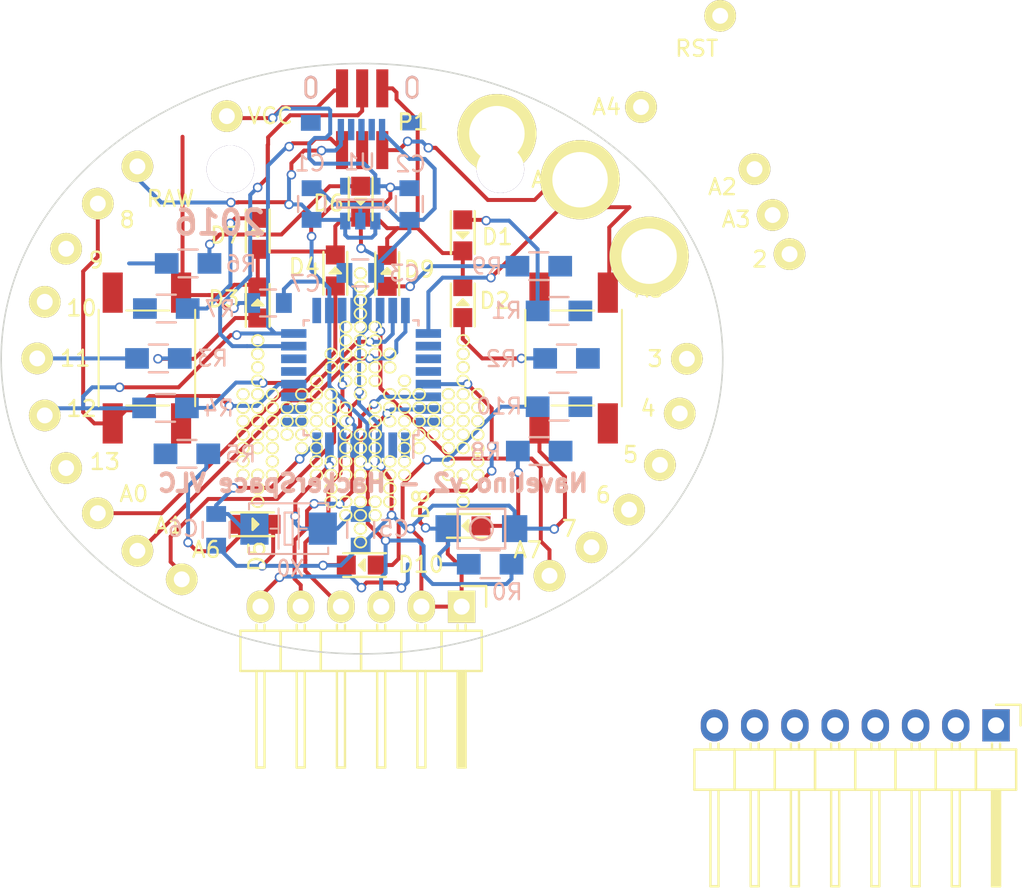
<source format=kicad_pcb>
(kicad_pcb (version 4) (host pcbnew 4.0.4-stable)
  (layers (0 F.Cu signal) (31 B.Cu signal) (34 B.Paste user hide) (35 F.Paste user hide) (36 B.SilkS user hide) (37 F.SilkS user hide) (38 B.Mask user) (39 F.Mask user) (44 Edge.Cuts user))
  (net 0 "")
  (net 1 GND)
  (net 2 "Net-(D3-Pad1)")
  (net 3 "Net-(D6-Pad1)")
  (net 4 PD4)
  (net 5 VCC)
  (net 6 XTAL1)
  (net 7 XTAL2)
  (net 8 PD5)
  (net 9 PB0)
  (net 10 PB1)
  (net 11 PB2)
  (net 12 "Net-(C3-Pad1)")
  (net 13 PC0)
  (net 14 PC1)
  (net 15 PC2)
  (net 16 PC3)
  (net 17 SDA)
  (net 18 SCL)
  (net 19 RESET)
  (net 20 DTR)
  (net 21 A6)
  (net 22 A7)
  (net 23 RXI)
  (net 24 TXO)
  (net 25 PD3)
  (net 26 PD6)
  (net 27 PD7)
  (net 28 PB3/MOSI)
  (net 29 PB4/MISO)
  (net 30 PB5/SCK)
  (net 31 PD2)
  (net 32 RAW)
  (net 33 "Net-(D1-Pad1)")
  (net 34 "Net-(D2-Pad1)")
  (net 35 "Net-(D4-Pad1)")
  (net 36 "Net-(D5-Pad1)")
  (net 37 "Net-(D7-Pad1)")
  (net 38 "Net-(D8-Pad1)")
  (net 39 "Net-(D9-Pad1)")
  (net 40 "Net-(D10-Pad1)")
  (net 41 "Net-(JP1-Pad2)")
  (net 42 "Net-(JP2-Pad2)")
  (net 43 "Net-(JP3-Pad2)")
  (net 44 "Net-(JP4-Pad2)")
  (net 45 "Net-(JP5-Pad2)")
  (net 46 "Net-(JP6-Pad2)")
  (net 47 "Net-(JP7-Pad2)")
  (net 48 "Net-(JP8-Pad2)")
  (net 49 "Net-(JP9-Pad2)")
  (net 50 "Net-(JP10-Pad2)")
  (net 51 "Net-(U1-Pad4)")
  (net 52 "Net-(CON1-Pad2)")
  (net 53 "Net-(CON1-Pad3)")
  (net 54 "Net-(CON1-Pad4)")
  (net 55 "Net-(SW1-Pad2)")
  (net 56 "Net-(SW1-Pad4)")
  (net 57 "Net-(SW2-Pad2)")
  (net 58 "Net-(SW2-Pad4)")
  (net 59 "Net-(M1-Pad1)")
  (net 60 "Net-(M2-Pad1)")
  (module Wire_Pads:SolderWirePad_single_1mmDrill (layer F.Cu) (at 138.83 117.94)
    (fp_text reference A4 (at -2.175 -0.01) (layer F.SilkS))
    (fp_text value CONN_1)
    (pad 1 thru_hole circle (at 0 0) (size 5 5) (drill 3.5) (layers *.Cu *.Mask F.SilkS) (net 17 SDA))
  )
  (module Mounting_Holes:MountingHole_3mm (layer F.Cu) (at 116.75 117.275)
    (fp_text reference M1 hide)
    (fp_text value CONN_1)
    (pad 1 thru_hole circle (at 0 0) (size 3 3) (drill 3) (layers) (net 59 "Net-(M1-Pad1)"))
  )
  (module SMD-CRYSTAL-8MHZ-20PF-20PPM_2P-5.0X3.2MM_:X2-SMD-5.0X3.2X1.3MM (layer B.Cu) (at 120.425 139.975 180)
    (fp_text reference X0 (at -0.105 -2.515 180) (layer B.SilkS) (effects (font (size 1 0.9)) (justify mirror)))
    (fp_text value CRYSTAL hide)
    (pad 1 smd rect (at -2.159 0 180) (size 1.778 2.032) (layers B.Cu B.Paste B.Mask) (net 6 XTAL1))
    (pad 2 smd rect (at 2.159 0 180) (size 1.778 2.032) (layers B.Cu B.Paste B.Mask) (net 7 XTAL2))
  )
  (module SEEED:SW4-SMD-6.0X6.0X5.0MM (layer F.Cu) (at 138.425 129.2 270)
    (fp_text reference SW1 hide)
    (fp_text value "SMD-SWITCH-TACTILE-SPST-NO(4P-D6.0MM)" hide)
    (pad 1 smd rect (at -4.129 -2.159 270) (size 2.54 1.27) (layers F.Cu F.Paste F.Mask) (net 15 PC2))
    (pad 2 smd rect (at -4.129 2.159 270) (size 2.54 1.27) (layers F.Cu F.Paste F.Mask) (net 55 "Net-(SW1-Pad2)"))
    (pad 3 smd rect (at 4.129 2.159 270) (size 2.54 1.27) (layers F.Cu F.Paste F.Mask) (net 1 GND))
    (pad 4 smd rect (at 4.129 -2.159 270) (size 2.54 1.27) (layers F.Cu F.Paste F.Mask) (net 56 "Net-(SW1-Pad4)"))
  )
  (module SEEED:SW4-SMD-6.0X6.0X5.0MM (layer F.Cu) (at 111.475 129.2 90)
    (fp_text reference SW2 hide)
    (fp_text value "SMD-SWITCH-TACTILE-SPST-NO(4P-D6.0MM)" hide)
    (pad 1 smd rect (at -4.129 -2.159 90) (size 2.54 1.27) (layers F.Cu F.Paste F.Mask) (net 9 PB0))
    (pad 2 smd rect (at -4.129 2.159 90) (size 2.54 1.27) (layers F.Cu F.Paste F.Mask) (net 57 "Net-(SW2-Pad2)"))
    (pad 3 smd rect (at 4.129 2.159 90) (size 2.54 1.27) (layers F.Cu F.Paste F.Mask) (net 1 GND))
    (pad 4 smd rect (at 4.129 -2.159 90) (size 2.54 1.27) (layers F.Cu F.Paste F.Mask) (net 58 "Net-(SW2-Pad4)"))
  )
  (module ST-USB-001G (layer B.Cu) (at 125.025 115.45)
    (fp_text reference CON1 hide)
    (fp_text value USB)
    (pad 1 smd rect (at -1.3 -0.675 270) (size 1.35 0.4) (layers B.Cu B.Paste B.Mask) (net 32 RAW))
    (pad 2 smd rect (at -0.6509 -0.675 270) (size 1.35 0.4) (layers B.Cu B.Paste B.Mask) (net 52 "Net-(CON1-Pad2)"))
    (pad 3 smd rect (at 0 -0.675 270) (size 1.35 0.4) (layers B.Cu B.Paste B.Mask) (net 53 "Net-(CON1-Pad3)"))
    (pad 4 smd rect (at 0.6491 -0.675 270) (size 1.35 0.4) (layers B.Cu B.Paste B.Mask) (net 54 "Net-(CON1-Pad4)"))
    (pad 5 smd rect (at 1.3 -0.675 270) (size 1.35 0.4) (layers B.Cu B.Paste B.Mask) (net 1 GND))
    (pad 6 smd rect (at -3.2 -1.1 270) (size 1 1.25) (layers B.Cu B.Paste B.Mask))
    (pad 6 smd rect (at 3.2 -1.1 270) (size 0.95 1.25) (layers B.Cu B.Paste B.Mask))
    (pad 6 thru_hole oval (at -3.2 -3.35 270) (size 1.45 0.8) (drill oval 1.1 0.45) (layers *.Cu *.Mask B.SilkS))
    (pad 6 thru_hole oval (at 3.2 -3.35 270) (size 1.45 0.8) (drill oval 1.1 0.5) (layers *.Cu *.Mask B.SilkS))
  )
  (module Housings_QFP:TQFP-32_7x7mm_Pitch0.8mm (layer B.Cu) (at 125 130.45 90)
    (fp_text reference IC1 hide)
    (fp_text value ATMEGA328P-A)
    (pad 1 smd rect (at -4.25 2.8 90) (size 1.6 0.55) (layers B.Cu B.Paste B.Mask) (net 25 PD3))
    (pad 2 smd rect (at -4.25 2 90) (size 1.6 0.55) (layers B.Cu B.Paste B.Mask) (net 4 PD4))
    (pad 3 smd rect (at -4.25 1.2 90) (size 1.6 0.55) (layers B.Cu B.Paste B.Mask) (net 1 GND))
    (pad 4 smd rect (at -4.25 0.4 90) (size 1.6 0.55) (layers B.Cu B.Paste B.Mask) (net 5 VCC))
    (pad 5 smd rect (at -4.25 -0.4 90) (size 1.6 0.55) (layers B.Cu B.Paste B.Mask) (net 1 GND))
    (pad 6 smd rect (at -4.25 -1.2 90) (size 1.6 0.55) (layers B.Cu B.Paste B.Mask) (net 5 VCC))
    (pad 7 smd rect (at -4.25 -2 90) (size 1.6 0.55) (layers B.Cu B.Paste B.Mask) (net 6 XTAL1))
    (pad 8 smd rect (at -4.25 -2.8 90) (size 1.6 0.55) (layers B.Cu B.Paste B.Mask) (net 7 XTAL2))
    (pad 9 smd rect (at -2.8 -4.25) (size 1.6 0.55) (layers B.Cu B.Paste B.Mask) (net 8 PD5))
    (pad 10 smd rect (at -2 -4.25) (size 1.6 0.55) (layers B.Cu B.Paste B.Mask) (net 26 PD6))
    (pad 11 smd rect (at -1.2 -4.25) (size 1.6 0.55) (layers B.Cu B.Paste B.Mask) (net 27 PD7))
    (pad 12 smd rect (at -0.4 -4.25) (size 1.6 0.55) (layers B.Cu B.Paste B.Mask) (net 9 PB0))
    (pad 13 smd rect (at 0.4 -4.25) (size 1.6 0.55) (layers B.Cu B.Paste B.Mask) (net 10 PB1))
    (pad 14 smd rect (at 1.2 -4.25) (size 1.6 0.55) (layers B.Cu B.Paste B.Mask) (net 11 PB2))
    (pad 15 smd rect (at 2 -4.25) (size 1.6 0.55) (layers B.Cu B.Paste B.Mask) (net 28 PB3/MOSI))
    (pad 16 smd rect (at 2.8 -4.25) (size 1.6 0.55) (layers B.Cu B.Paste B.Mask) (net 29 PB4/MISO))
    (pad 17 smd rect (at 4.25 -2.8 90) (size 1.6 0.55) (layers B.Cu B.Paste B.Mask) (net 30 PB5/SCK))
    (pad 18 smd rect (at 4.25 -2 90) (size 1.6 0.55) (layers B.Cu B.Paste B.Mask) (net 5 VCC))
    (pad 19 smd rect (at 4.25 -1.2 90) (size 1.6 0.55) (layers B.Cu B.Paste B.Mask) (net 21 A6))
    (pad 20 smd rect (at 4.25 -0.4 90) (size 1.6 0.55) (layers B.Cu B.Paste B.Mask) (net 12 "Net-(C3-Pad1)"))
    (pad 21 smd rect (at 4.25 0.4 90) (size 1.6 0.55) (layers B.Cu B.Paste B.Mask) (net 1 GND))
    (pad 22 smd rect (at 4.25 1.2 90) (size 1.6 0.55) (layers B.Cu B.Paste B.Mask) (net 22 A7))
    (pad 23 smd rect (at 4.25 2 90) (size 1.6 0.55) (layers B.Cu B.Paste B.Mask) (net 13 PC0))
    (pad 24 smd rect (at 4.25 2.8 90) (size 1.6 0.55) (layers B.Cu B.Paste B.Mask) (net 14 PC1))
    (pad 25 smd rect (at 2.8 4.25) (size 1.6 0.55) (layers B.Cu B.Paste B.Mask) (net 15 PC2))
    (pad 26 smd rect (at 2 4.25) (size 1.6 0.55) (layers B.Cu B.Paste B.Mask) (net 16 PC3))
    (pad 27 smd rect (at 1.2 4.25) (size 1.6 0.55) (layers B.Cu B.Paste B.Mask) (net 17 SDA))
    (pad 28 smd rect (at 0.4 4.25) (size 1.6 0.55) (layers B.Cu B.Paste B.Mask) (net 18 SCL))
    (pad 29 smd rect (at -0.4 4.25) (size 1.6 0.55) (layers B.Cu B.Paste B.Mask) (net 19 RESET))
    (pad 30 smd rect (at -1.2 4.25) (size 1.6 0.55) (layers B.Cu B.Paste B.Mask) (net 23 RXI))
    (pad 31 smd rect (at -2 4.25) (size 1.6 0.55) (layers B.Cu B.Paste B.Mask) (net 24 TXO))
    (pad 32 smd rect (at -2.8 4.25) (size 1.6 0.55) (layers B.Cu B.Paste B.Mask) (net 31 PD2))
  )
  (module Pin_Headers:Pin_Header_Angled_1x06 (layer F.Cu) (at 131.35 144.9 270)
    (fp_text reference P3 hide)
    (fp_text value CONN_6)
    (pad 1 thru_hole rect (at 0 0 270) (size 2.032 1.7272) (drill 1.016) (layers *.Cu *.Mask F.SilkS) (net 1 GND))
    (pad 2 thru_hole oval (at 0 2.54 270) (size 2.032 1.7272) (drill 1.016) (layers *.Cu *.Mask F.SilkS) (net 1 GND))
    (pad 3 thru_hole oval (at 0 5.08 270) (size 2.032 1.7272) (drill 1.016) (layers *.Cu *.Mask F.SilkS) (net 5 VCC))
    (pad 4 thru_hole oval (at 0 7.62 270) (size 2.032 1.7272) (drill 1.016) (layers *.Cu *.Mask F.SilkS) (net 23 RXI))
    (pad 5 thru_hole oval (at 0 10.16 270) (size 2.032 1.7272) (drill 1.016) (layers *.Cu *.Mask F.SilkS) (net 24 TXO))
    (pad 6 thru_hole oval (at 0 12.7 270) (size 2.032 1.7272) (drill 1.016) (layers *.Cu *.Mask F.SilkS) (net 20 DTR))
  )
  (module Wire_Pads:SolderWirePad_single_1mmDrill (layer F.Cu) (at 108.375 119.45)
    (fp_text reference 8 (at 1.85 1.025) (layer F.SilkS))
    (fp_text value CONN_1)
    (pad 1 thru_hole circle (at 0 0) (size 2 2) (drill 1.00076) (layers *.Cu *.Mask F.SilkS) (net 9 PB0))
  )
  (module Wire_Pads:SolderWirePad_single_1mmDrill (layer F.Cu) (at 106.375 122.3)
    (fp_text reference 9 (at 1.9 0.725) (layer F.SilkS))
    (fp_text value CONN_1)
    (pad 1 thru_hole circle (at 0 0) (size 2 2) (drill 1.00076) (layers *.Cu *.Mask F.SilkS) (net 10 PB1))
  )
  (module Wire_Pads:SolderWirePad_single_1mmDrill (layer F.Cu) (at 105.025 125.65)
    (fp_text reference 10 (at 2.325 0.4) (layer F.SilkS))
    (fp_text value CONN_1)
    (pad 1 thru_hole circle (at 0 0) (size 2 2) (drill 1.00076) (layers *.Cu *.Mask F.SilkS) (net 11 PB2))
  )
  (module Wire_Pads:SolderWirePad_single_1mmDrill (layer F.Cu) (at 104.55 129.225)
    (fp_text reference 11 (at 2.4 0) (layer F.SilkS))
    (fp_text value CONN_1)
    (pad 1 thru_hole circle (at 0 0) (size 2 2) (drill 1.00076) (layers *.Cu *.Mask F.SilkS) (net 28 PB3/MOSI))
  )
  (module Wire_Pads:SolderWirePad_single_1mmDrill (layer F.Cu) (at 105.025 132.825)
    (fp_text reference 12 (at 2.325 -0.425) (layer F.SilkS))
    (fp_text value CONN_1)
    (pad 1 thru_hole circle (at 0 0) (size 2 2) (drill 1.00076) (layers *.Cu *.Mask F.SilkS) (net 29 PB4/MISO))
  )
  (module Wire_Pads:SolderWirePad_single_1mmDrill (layer F.Cu) (at 106.375 136.15)
    (fp_text reference 13 (at 2.45 -0.4) (layer F.SilkS))
    (fp_text value CONN_1)
    (pad 1 thru_hole circle (at 0 0) (size 2 2) (drill 1.00076) (layers *.Cu *.Mask F.SilkS) (net 30 PB5/SCK))
  )
  (module Wire_Pads:SolderWirePad_single_1mmDrill (layer F.Cu) (at 108.375 139)
    (fp_text reference A0 (at 2.275 -1.225) (layer F.SilkS))
    (fp_text value CONN_1)
    (pad 1 thru_hole circle (at 0 0) (size 2 2) (drill 1.00076) (layers *.Cu *.Mask F.SilkS) (net 13 PC0))
  )
  (module Wire_Pads:SolderWirePad_single_1mmDrill (layer F.Cu) (at 110.875 141.375)
    (fp_text reference A1 (at 1.975 -1.6) (layer F.SilkS))
    (fp_text value CONN_1)
    (pad 1 thru_hole circle (at 0 0) (size 2 2) (drill 1.00076) (layers *.Cu *.Mask F.SilkS) (net 14 PC1))
  )
  (module Wire_Pads:SolderWirePad_single_1mmDrill (layer F.Cu) (at 149.85 117.27)
    (fp_text reference A2 (at -2.025 1.125) (layer F.SilkS))
    (fp_text value CONN_1)
    (pad 1 thru_hole circle (at 0 0) (size 2 2) (drill 1.00076) (layers *.Cu *.Mask F.SilkS) (net 15 PC2))
  )
  (module Wire_Pads:SolderWirePad_single_1mmDrill (layer F.Cu) (at 150.99 120.17)
    (fp_text reference A3 (at -2.3 0.275) (layer F.SilkS))
    (fp_text value CONN_1)
    (pad 1 thru_hole circle (at 0 0) (size 2 2) (drill 1.00076) (layers *.Cu *.Mask F.SilkS) (net 16 PC3))
  )
  (module Wire_Pads:SolderWirePad_single_1mmDrill (layer F.Cu) (at 142.68 113.35)
    (fp_text reference A4 (at -2.175 -0.01) (layer F.SilkS))
    (fp_text value CONN_1)
    (pad 1 thru_hole circle (at 0 0) (size 2 2) (drill 1.00076) (layers *.Cu *.Mask F.SilkS) (net 17 SDA))
  )
  (module Wire_Pads:SolderWirePad_single_1mmDrill (layer F.Cu) (at 143.19 122.77)
    (fp_text reference A5 (at 0.015 2.085) (layer F.SilkS))
    (fp_text value CONN_1)
    (pad 1 thru_hole circle (at 0 0) (size 5 5) (drill 3.5) (layers *.Cu *.Mask F.SilkS) (net 18 SCL))
  )
  (module Wire_Pads:SolderWirePad_single_1mmDrill (layer F.Cu) (at 147.68 107.59)
    (fp_text reference RST (at -1.485 2.06) (layer F.SilkS))
    (fp_text value CONN_1)
    (pad 1 thru_hole circle (at 0 0) (size 2 2) (drill 1.00076) (layers *.Cu *.Mask F.SilkS) (net 19 RESET))
  )
  (module Wire_Pads:SolderWirePad_single_1mmDrill (layer F.Cu) (at 152.06 122.64)
    (fp_text reference 2 (at -1.875 0.325) (layer F.SilkS))
    (fp_text value CONN_1)
    (pad 1 thru_hole circle (at 0 0) (size 2 2) (drill 1.00076) (layers *.Cu *.Mask F.SilkS) (net 31 PD2))
  )
  (module Wire_Pads:SolderWirePad_single_1mmDrill (layer F.Cu) (at 145.575 129.25)
    (fp_text reference 3 (at -2 0) (layer F.SilkS))
    (fp_text value CONN_1)
    (pad 1 thru_hole circle (at 0 0) (size 2 2) (drill 1.00076) (layers *.Cu *.Mask F.SilkS) (net 25 PD3))
  )
  (module Wire_Pads:SolderWirePad_single_1mmDrill (layer F.Cu) (at 145.125 132.7)
    (fp_text reference 4 (at -2 -0.325) (layer F.SilkS))
    (fp_text value CONN_1)
    (pad 1 thru_hole circle (at 0 0) (size 2 2) (drill 1.00076) (layers *.Cu *.Mask F.SilkS) (net 4 PD4))
  )
  (module Wire_Pads:SolderWirePad_single_1mmDrill (layer F.Cu) (at 143.875 135.95)
    (fp_text reference 5 (at -1.85 -0.65) (layer F.SilkS))
    (fp_text value CONN_1)
    (pad 1 thru_hole circle (at 0 0) (size 2 2) (drill 1.00076) (layers *.Cu *.Mask F.SilkS) (net 8 PD5))
  )
  (module Wire_Pads:SolderWirePad_single_1mmDrill (layer F.Cu) (at 141.925 138.775)
    (fp_text reference 6 (at -1.625 -0.925) (layer F.SilkS))
    (fp_text value CONN_1)
    (pad 1 thru_hole circle (at 0 0) (size 2 2) (drill 1.00076) (layers *.Cu *.Mask F.SilkS) (net 26 PD6))
  )
  (module Wire_Pads:SolderWirePad_single_1mmDrill (layer F.Cu) (at 133.58 115.03)
    (fp_text reference GND (at 0.05 2) (layer F.SilkS))
    (fp_text value CONN_1)
    (pad 1 thru_hole circle (at 0 0) (size 5 5) (drill 3.5) (layers *.Cu *.Mask F.SilkS) (net 1 GND))
  )
  (module Wire_Pads:SolderWirePad_single_1mmDrill (layer F.Cu) (at 116.525 113.925)
    (fp_text reference VCC (at 2.735 -0.015) (layer F.SilkS))
    (fp_text value CONN_1)
    (pad 1 thru_hole circle (at 0 0) (size 2 2) (drill 1.00076) (layers *.Cu *.Mask F.SilkS) (net 5 VCC))
  )
  (module Wire_Pads:SolderWirePad_single_1mmDrill (layer F.Cu) (at 113.675 143.175)
    (fp_text reference A6 (at 1.55 -1.875) (layer F.SilkS))
    (fp_text value CONN_1)
    (pad 1 thru_hole circle (at 0 0) (size 2 2) (drill 1.00076) (layers *.Cu *.Mask F.SilkS) (net 21 A6))
  )
  (module Wire_Pads:SolderWirePad_single_1mmDrill (layer F.Cu) (at 136.9 142.95)
    (fp_text reference A7 (at -1.375 -1.625) (layer F.SilkS))
    (fp_text value CONN_1)
    (pad 1 thru_hole circle (at 0 0) (size 2 2) (drill 1.00076) (layers *.Cu *.Mask F.SilkS) (net 22 A7))
  )
  (module Wire_Pads:SolderWirePad_single_1mmDrill (layer F.Cu) (at 139.55 141.15)
    (fp_text reference 7 (at -1.4 -1.175) (layer F.SilkS))
    (fp_text value CONN_1)
    (pad 1 thru_hole circle (at 0 0) (size 2 2) (drill 1.00076) (layers *.Cu *.Mask F.SilkS) (net 27 PD7))
  )
  (module Wire_Pads:SolderWirePad_single_1mmDrill (layer F.Cu) (at 110.875 117.1)
    (fp_text reference RAW (at 2.085 2.04) (layer F.SilkS))
    (fp_text value CONN_1)
    (pad 1 thru_hole circle (at 0 0) (size 2 2) (drill 1.00076) (layers *.Cu *.Mask F.SilkS) (net 32 RAW))
  )
  (module Resistors_SMD:R_0805_HandSoldering (layer B.Cu) (at 137.5 126.225 180)
    (fp_text reference R1 (at 3.325 0.025 180) (layer B.SilkS) (effects (justify mirror)))
    (fp_text value 330)
    (pad 1 smd rect (at -1.35 0 180) (size 1.5 1.3) (layers B.Cu B.Paste B.Mask) (net 41 "Net-(JP1-Pad2)"))
    (pad 2 smd rect (at 1.35 0 180) (size 1.5 1.3) (layers B.Cu B.Paste B.Mask) (net 33 "Net-(D1-Pad1)"))
  )
  (module Resistors_SMD:R_0805_HandSoldering (layer B.Cu) (at 137.975 129.225 180)
    (fp_text reference R2 (at 4.125 -0.025 180) (layer B.SilkS) (effects (justify mirror)))
    (fp_text value 330)
    (pad 1 smd rect (at -1.35 0 180) (size 1.5 1.3) (layers B.Cu B.Paste B.Mask) (net 42 "Net-(JP2-Pad2)"))
    (pad 2 smd rect (at 1.35 0 180) (size 1.5 1.3) (layers B.Cu B.Paste B.Mask) (net 34 "Net-(D2-Pad1)"))
  )
  (module Resistors_SMD:R_0805_HandSoldering (layer B.Cu) (at 112.2 129.225)
    (fp_text reference R3 (at 3.425 0) (layer B.SilkS) (effects (justify mirror)))
    (fp_text value 330)
    (pad 1 smd rect (at -1.35 0) (size 1.5 1.3) (layers B.Cu B.Paste B.Mask) (net 43 "Net-(JP3-Pad2)"))
    (pad 2 smd rect (at 1.35 0) (size 1.5 1.3) (layers B.Cu B.Paste B.Mask) (net 2 "Net-(D3-Pad1)"))
  )
  (module Resistors_SMD:R_0805_HandSoldering (layer B.Cu) (at 112.65 132.35)
    (fp_text reference R4 (at 3.35 0.025) (layer B.SilkS) (effects (justify mirror)))
    (fp_text value 330)
    (pad 1 smd rect (at -1.35 0) (size 1.5 1.3) (layers B.Cu B.Paste B.Mask) (net 44 "Net-(JP4-Pad2)"))
    (pad 2 smd rect (at 1.35 0) (size 1.5 1.3) (layers B.Cu B.Paste B.Mask) (net 35 "Net-(D4-Pad1)"))
  )
  (module Resistors_SMD:R_0805_HandSoldering (layer B.Cu) (at 114 135.25)
    (fp_text reference R5 (at 3.4 0.025) (layer B.SilkS) (effects (justify mirror)))
    (fp_text value 330)
    (pad 1 smd rect (at -1.35 0) (size 1.5 1.3) (layers B.Cu B.Paste B.Mask) (net 45 "Net-(JP5-Pad2)"))
    (pad 2 smd rect (at 1.35 0) (size 1.5 1.3) (layers B.Cu B.Paste B.Mask) (net 36 "Net-(D5-Pad1)"))
  )
  (module Resistors_SMD:R_0805_HandSoldering (layer B.Cu) (at 114.075 123.225)
    (fp_text reference R6 (at 3.35 0.025) (layer B.SilkS) (effects (justify mirror)))
    (fp_text value 330)
    (pad 1 smd rect (at -1.35 0) (size 1.5 1.3) (layers B.Cu B.Paste B.Mask) (net 46 "Net-(JP6-Pad2)"))
    (pad 2 smd rect (at 1.35 0) (size 1.5 1.3) (layers B.Cu B.Paste B.Mask) (net 3 "Net-(D6-Pad1)"))
  )
  (module Resistors_SMD:R_0805_HandSoldering (layer B.Cu) (at 112.7 126.075)
    (fp_text reference R7 (at 3.4 0.025) (layer B.SilkS) (effects (justify mirror)))
    (fp_text value 330)
    (pad 1 smd rect (at -1.35 0) (size 1.5 1.3) (layers B.Cu B.Paste B.Mask) (net 47 "Net-(JP7-Pad2)"))
    (pad 2 smd rect (at 1.35 0) (size 1.5 1.3) (layers B.Cu B.Paste B.Mask) (net 37 "Net-(D7-Pad1)"))
  )
  (module Resistors_SMD:R_0805_HandSoldering (layer B.Cu) (at 136.25 135.075 180)
    (fp_text reference R8 (at 3.375 -0.025 180) (layer B.SilkS) (effects (justify mirror)))
    (fp_text value 330)
    (pad 1 smd rect (at -1.35 0 180) (size 1.5 1.3) (layers B.Cu B.Paste B.Mask) (net 48 "Net-(JP8-Pad2)"))
    (pad 2 smd rect (at 1.35 0 180) (size 1.5 1.3) (layers B.Cu B.Paste B.Mask) (net 38 "Net-(D8-Pad1)"))
  )
  (module Resistors_SMD:R_0805_HandSoldering (layer B.Cu) (at 136.225 123.4 180)
    (fp_text reference R9 (at 3.275 0 180) (layer B.SilkS) (effects (justify mirror)))
    (fp_text value 330)
    (pad 1 smd rect (at -1.35 0 180) (size 1.5 1.3) (layers B.Cu B.Paste B.Mask) (net 49 "Net-(JP9-Pad2)"))
    (pad 2 smd rect (at 1.35 0 180) (size 1.5 1.3) (layers B.Cu B.Paste B.Mask) (net 39 "Net-(D9-Pad1)"))
  )
  (module Resistors_SMD:R_0805_HandSoldering (layer B.Cu) (at 137.5 132.275 180)
    (fp_text reference R10 (at 3.775 0.025 180) (layer B.SilkS) (effects (justify mirror)))
    (fp_text value 330)
    (pad 1 smd rect (at -1.35 0 180) (size 1.5 1.3) (layers B.Cu B.Paste B.Mask) (net 50 "Net-(JP10-Pad2)"))
    (pad 2 smd rect (at 1.35 0 180) (size 1.5 1.3) (layers B.Cu B.Paste B.Mask) (net 40 "Net-(D10-Pad1)"))
  )
  (module Capacitors_SMD:C_0805 (layer B.Cu) (at 121.875 119.475 90)
    (fp_text reference C1 (at 2.575 -0.1 180) (layer B.SilkS) (effects (justify mirror)))
    (fp_text value 0.1uF)
    (pad 1 smd rect (at -1 0 90) (size 1 1.25) (layers B.Cu B.Paste B.Mask) (net 32 RAW))
    (pad 2 smd rect (at 1 0 90) (size 1 1.25) (layers B.Cu B.Paste B.Mask) (net 1 GND))
  )
  (module Capacitors_SMD:C_0805 (layer B.Cu) (at 128.05 119.475 270)
    (fp_text reference C2 (at -2.525 -0.075 360) (layer B.SilkS) (effects (justify mirror)))
    (fp_text value 1uF)
    (pad 1 smd rect (at -1 0 270) (size 1 1.25) (layers B.Cu B.Paste B.Mask) (net 5 VCC))
    (pad 2 smd rect (at 1 0 270) (size 1 1.25) (layers B.Cu B.Paste B.Mask) (net 1 GND))
  )
  (module Capacitors_SMD:C_0805 (layer B.Cu) (at 124.95 123.825)
    (fp_text reference C3 (at 2.8 0.025) (layer B.SilkS) (effects (justify mirror)))
    (fp_text value 0.1uF)
    (pad 1 smd rect (at -1 0) (size 1 1.25) (layers B.Cu B.Paste B.Mask) (net 12 "Net-(C3-Pad1)"))
    (pad 2 smd rect (at 1 0) (size 1 1.25) (layers B.Cu B.Paste B.Mask) (net 1 GND))
  )
  (module Capacitors_SMD:C_0805 (layer B.Cu) (at 124.975 140.05 90)
    (fp_text reference C5 (at 0.075 2.1 180) (layer B.SilkS) (effects (justify mirror)))
    (fp_text value 27pF)
    (pad 1 smd rect (at -1 0 90) (size 1 1.25) (layers B.Cu B.Paste B.Mask) (net 1 GND))
    (pad 2 smd rect (at 1 0 90) (size 1 1.25) (layers B.Cu B.Paste B.Mask) (net 6 XTAL1))
  )
  (module Capacitors_SMD:C_0805 (layer B.Cu) (at 115.85 140.05 90)
    (fp_text reference C6 (at 0.075 -2.075 180) (layer B.SilkS) (effects (justify mirror)))
    (fp_text value 27pF)
    (pad 1 smd rect (at -1 0 90) (size 1 1.25) (layers B.Cu B.Paste B.Mask) (net 1 GND))
    (pad 2 smd rect (at 1 0 90) (size 1 1.25) (layers B.Cu B.Paste B.Mask) (net 7 XTAL2))
  )
  (module Capacitors_SMD:C_0805 (layer B.Cu) (at 119.125 125.725 180)
    (fp_text reference C7 (at -2.35 1.225 180) (layer B.SilkS) (effects (justify mirror)))
    (fp_text value 0.1uF)
    (pad 1 smd rect (at -1 0 180) (size 1 1.25) (layers B.Cu B.Paste B.Mask) (net 5 VCC))
    (pad 2 smd rect (at 1 0 180) (size 1 1.25) (layers B.Cu B.Paste B.Mask) (net 1 GND))
  )
  (module TO_SOT_Packages_SMD:SOT-23-5 (layer B.Cu) (at 124.95 119.45 90)
    (fp_text reference U1 (at 2.625 -0.025 180) (layer B.SilkS) (effects (justify mirror)))
    (fp_text value XC6204B332MR)
    (pad 1 smd rect (at -1.1 0.95 90) (size 1.06 0.65) (layers B.Cu B.Paste B.Mask) (net 32 RAW))
    (pad 2 smd rect (at -1.1 0 90) (size 1.06 0.65) (layers B.Cu B.Paste B.Mask) (net 1 GND))
    (pad 3 smd rect (at -1.1 -0.95 90) (size 1.06 0.65) (layers B.Cu B.Paste B.Mask) (net 32 RAW))
    (pad 4 smd rect (at 1.1 -0.95 90) (size 1.06 0.65) (layers B.Cu B.Paste B.Mask) (net 51 "Net-(U1-Pad4)"))
    (pad 5 smd rect (at 1.1 0.95 90) (size 1.06 0.65) (layers B.Cu B.Paste B.Mask) (net 5 VCC))
  )
  (module SEEED:B3U-1000P (layer B.Cu) (at 132.6 139.975)
    (fp_text reference SW0 hide)
    (fp_text value SW_PUSH)
    (pad 1 smd rect (at -2.1 0) (size 1.6 1.7) (layers B.Cu B.Paste B.Mask) (net 19 RESET))
    (pad 2 smd rect (at 2.1 0) (size 1.6 1.7) (layers B.Cu B.Paste B.Mask) (net 1 GND))
  )
  (module Resistors_SMD:R_0805_HandSoldering (layer B.Cu) (at 133.15 142.225)
    (fp_text reference R0 (at 1.075 1.75) (layer B.SilkS) (effects (justify mirror)))
    (fp_text value 10K)
    (pad 1 smd rect (at -1.35 0) (size 1.5 1.3) (layers B.Cu B.Paste B.Mask) (net 19 RESET))
    (pad 2 smd rect (at 1.35 0) (size 1.5 1.3) (layers B.Cu B.Paste B.Mask) (net 5 VCC))
  )
  (module Mounting_Holes:MountingHole_3mm (layer F.Cu) (at 133.8 117.275)
    (fp_text reference M2 hide)
    (fp_text value CONN_1)
    (pad 1 thru_hole circle (at 0 0) (size 3 3) (drill 3) (layers) (net 60 "Net-(M2-Pad1)"))
  )
  (module navelino:ISPSMD (layer F.Cu) (at 125.07 114.12)
    (fp_text reference P1 (at 3.2 0.18) (layer F.SilkS))
    (fp_text value CONN_02X03)
    (pad 2 smd rect (at -1.27 -1.95) (size 0.76 2.4) (layers F.Cu F.Paste F.Mask) (net 5 VCC))
    (pad 4 smd rect (at 0 -1.95) (size 0.76 2.4) (layers F.Cu F.Paste F.Mask) (net 28 PB3/MOSI))
    (pad 6 smd rect (at 1.27 -1.95) (size 0.76 2.4) (layers F.Cu F.Paste F.Mask) (net 1 GND))
    (pad 1 smd rect (at -1.27 1.95) (size 0.76 2.4) (layers F.Cu F.Paste F.Mask) (net 29 PB4/MISO))
    (pad 3 smd rect (at 0 1.95) (size 0.76 2.4) (layers F.Cu F.Paste F.Mask) (net 30 PB5/SCK))
    (pad 5 smd rect (at 1.27 1.95) (size 0.76 2.4) (layers F.Cu F.Paste F.Mask) (net 19 RESET))
  )
  (module LEDs:LED-0805 (layer F.Cu) (at 118.475 121.425 270)
    (fp_text reference D7 (at 0.025 2.025 360) (layer F.SilkS))
    (fp_text value LED)
    (pad 2 smd rect (at 0.90902 0 90) (size 1.19888 1.19888) (layers F.Cu F.Paste F.Mask) (net 1 GND))
    (pad 1 smd rect (at -1.04902 0 90) (size 1.19888 1.19888) (layers F.Cu F.Paste F.Mask) (net 37 "Net-(D7-Pad1)"))
  )
  (module LEDs:LED-0805 (layer F.Cu) (at 131.425 121.525 270)
    (fp_text reference D1 (at 0.025 -2.179 360) (layer F.SilkS))
    (fp_text value BLUE)
    (pad 2 smd rect (at 0.90902 0 90) (size 1.19888 1.19888) (layers F.Cu F.Paste F.Mask) (net 1 GND))
    (pad 1 smd rect (at -1.04902 0 90) (size 1.19888 1.19888) (layers F.Cu F.Paste F.Mask) (net 33 "Net-(D1-Pad1)"))
  )
  (module LEDs:LED-0805 (layer F.Cu) (at 118.475 125.625 90)
    (fp_text reference D3 (at 0.149 -2.143 180) (layer F.SilkS))
    (fp_text value BLUE)
    (pad 2 smd rect (at 0.90902 0 270) (size 1.19888 1.19888) (layers F.Cu F.Paste F.Mask) (net 1 GND))
    (pad 1 smd rect (at -1.04902 0 270) (size 1.19888 1.19888) (layers F.Cu F.Paste F.Mask) (net 2 "Net-(D3-Pad1)"))
  )
  (module LEDs:LED-0805 (layer F.Cu) (at 124.975 119.4 270)
    (fp_text reference D6 (at 0.025 2.025 360) (layer F.SilkS))
    (fp_text value LED)
    (pad 2 smd rect (at 0.90902 0 90) (size 1.19888 1.19888) (layers F.Cu F.Paste F.Mask) (net 1 GND))
    (pad 1 smd rect (at -1.04902 0 90) (size 1.19888 1.19888) (layers F.Cu F.Paste F.Mask) (net 3 "Net-(D6-Pad1)"))
  )
  (module LEDs:LED-0805 (layer F.Cu) (at 126.65 123.625 90)
    (fp_text reference D9 (at 0.025 2.025 180) (layer F.SilkS))
    (fp_text value LED)
    (pad 2 smd rect (at 0.90902 0 270) (size 1.19888 1.19888) (layers F.Cu F.Paste F.Mask) (net 1 GND))
    (pad 1 smd rect (at -1.04902 0 270) (size 1.19888 1.19888) (layers F.Cu F.Paste F.Mask) (net 39 "Net-(D9-Pad1)"))
  )
  (module LEDs:LED-0805 (layer F.Cu) (at 131.425 125.6 90)
    (fp_text reference D2 (at 0.025 2.025 180) (layer F.SilkS))
    (fp_text value BLUE)
    (pad 2 smd rect (at 0.90902 0 270) (size 1.19888 1.19888) (layers F.Cu F.Paste F.Mask) (net 1 GND))
    (pad 1 smd rect (at -1.04902 0 270) (size 1.19888 1.19888) (layers F.Cu F.Paste F.Mask) (net 34 "Net-(D2-Pad1)"))
  )
  (module LEDs:LED-0805 (layer F.Cu) (at 123.375 123.6 90)
    (fp_text reference D4 (at 0.156 -1.963 180) (layer F.SilkS))
    (fp_text value LED)
    (pad 2 smd rect (at 0.90902 0 270) (size 1.19888 1.19888) (layers F.Cu F.Paste F.Mask) (net 1 GND))
    (pad 1 smd rect (at -1.04902 0 270) (size 1.19888 1.19888) (layers F.Cu F.Paste F.Mask) (net 35 "Net-(D4-Pad1)"))
  )
  (module LEDs:LED-0805 (layer F.Cu) (at 131.525 139.8 180)
    (fp_text reference D8 (at 2.747 1.37 270) (layer F.SilkS))
    (fp_text value LED)
    (pad 2 smd rect (at 0.90902 0) (size 1.19888 1.19888) (layers F.Cu F.Paste F.Mask) (net 1 GND))
    (pad 1 smd rect (at -1.04902 0) (size 1.19888 1.19888) (layers F.Cu F.Paste F.Mask) (net 38 "Net-(D8-Pad1)"))
  )
  (module LEDs:LED-0805 (layer F.Cu) (at 118.4 139.7)
    (fp_text reference D5 (at 0.025 2.025 90) (layer F.SilkS))
    (fp_text value LED)
    (pad 2 smd rect (at 0.90902 0 180) (size 1.19888 1.19888) (layers F.Cu F.Paste F.Mask) (net 1 GND))
    (pad 1 smd rect (at -1.04902 0 180) (size 1.19888 1.19888) (layers F.Cu F.Paste F.Mask) (net 36 "Net-(D5-Pad1)"))
  )
  (module LEDs:LED-0805 (layer F.Cu) (at 124.975 142.275 180)
    (fp_text reference D10 (at -3.803 0.035 360) (layer F.SilkS))
    (fp_text value LED)
    (pad 2 smd rect (at 0.90902 0) (size 1.19888 1.19888) (layers F.Cu F.Paste F.Mask) (net 1 GND))
    (pad 1 smd rect (at -1.04902 0) (size 1.19888 1.19888) (layers F.Cu F.Paste F.Mask) (net 40 "Net-(D10-Pad1)"))
  )
  (module Pin_Headers:Pin_Header_Angled_1x08 (layer F.Cu) (at 165.1 152.4 270)
    (fp_text reference REF** (at 0 -5.1 270) (layer F.SilkS))
    (fp_text value Pin_Header_Angled_1x08)
    (pad 1 thru_hole rect (at 0 0 270) (size 2.032 1.7272) (drill 1.016) (layers *.Cu *.Mask))
    (pad 2 thru_hole oval (at 0 2.54 270) (size 2.032 1.7272) (drill 1.016) (layers *.Cu *.Mask))
    (pad 3 thru_hole oval (at 0 5.08 270) (size 2.032 1.7272) (drill 1.016) (layers *.Cu *.Mask))
    (pad 4 thru_hole oval (at 0 7.62 270) (size 2.032 1.7272) (drill 1.016) (layers *.Cu *.Mask))
    (pad 5 thru_hole oval (at 0 10.16 270) (size 2.032 1.7272) (drill 1.016) (layers *.Cu *.Mask))
    (pad 6 thru_hole oval (at 0 12.7 270) (size 2.032 1.7272) (drill 1.016) (layers *.Cu *.Mask))
    (pad 7 thru_hole oval (at 0 15.24 270) (size 2.032 1.7272) (drill 1.016) (layers *.Cu *.Mask))
    (pad 8 thru_hole oval (at 0 17.78 270) (size 2.032 1.7272) (drill 1.016) (layers *.Cu *.Mask))
  )
  (gr_text 2016 (at 116.078 120.65) (layer B.SilkS) (effects (font (size 1.5 1.5) (thickness 0.3)) (justify mirror)))
  (gr_line (start 124.948679 140.484278) (end 124.961083 140.484574) (layer F.SilkS) (width 0.1))
  (gr_line (start 124.936271 140.484414) (end 124.948679 140.484278) (layer F.SilkS) (width 0.1))
  (gr_line (start 124.923875 140.484981) (end 124.936271 140.484414) (layer F.SilkS) (width 0.1))
  (gr_line (start 124.911507 140.485978) (end 124.923875 140.484981) (layer F.SilkS) (width 0.1))
  (gr_line (start 124.899181 140.487406) (end 124.911507 140.485978) (layer F.SilkS) (width 0.1))
  (gr_line (start 124.886912 140.489261) (end 124.899181 140.487406) (layer F.SilkS) (width 0.1))
  (gr_line (start 124.874715 140.491542) (end 124.886912 140.489261) (layer F.SilkS) (width 0.1))
  (gr_line (start 124.862605 140.494246) (end 124.874715 140.491542) (layer F.SilkS) (width 0.1))
  (gr_line (start 124.850596 140.497369) (end 124.862605 140.494246) (layer F.SilkS) (width 0.1))
  (gr_line (start 124.838703 140.500908) (end 124.850596 140.497369) (layer F.SilkS) (width 0.1))
  (gr_line (start 124.82694 140.504859) (end 124.838703 140.500908) (layer F.SilkS) (width 0.1))
  (gr_line (start 124.815322 140.509216) (end 124.82694 140.504859) (layer F.SilkS) (width 0.1))
  (gr_line (start 124.803862 140.513975) (end 124.815322 140.509216) (layer F.SilkS) (width 0.1))
  (gr_line (start 124.792575 140.51913) (end 124.803862 140.513975) (layer F.SilkS) (width 0.1))
  (gr_line (start 124.781474 140.524674) (end 124.792575 140.51913) (layer F.SilkS) (width 0.1))
  (gr_line (start 124.770573 140.530602) (end 124.781474 140.524674) (layer F.SilkS) (width 0.1))
  (gr_line (start 124.759884 140.536904) (end 124.770573 140.530602) (layer F.SilkS) (width 0.1))
  (gr_line (start 124.749421 140.543575) (end 124.759884 140.536904) (layer F.SilkS) (width 0.1))
  (gr_line (start 124.739196 140.550605) (end 124.749421 140.543575) (layer F.SilkS) (width 0.1))
  (gr_line (start 124.729223 140.557987) (end 124.739196 140.550605) (layer F.SilkS) (width 0.1))
  (gr_line (start 124.719512 140.565712) (end 124.729223 140.557987) (layer F.SilkS) (width 0.1))
  (gr_line (start 124.710075 140.573769) (end 124.719512 140.565712) (layer F.SilkS) (width 0.1))
  (gr_line (start 124.700925 140.58215) (end 124.710075 140.573769) (layer F.SilkS) (width 0.1))
  (gr_line (start 124.692071 140.590844) (end 124.700925 140.58215) (layer F.SilkS) (width 0.1))
  (gr_line (start 124.683526 140.599841) (end 124.692071 140.590844) (layer F.SilkS) (width 0.1))
  (gr_line (start 124.675298 140.60913) (end 124.683526 140.599841) (layer F.SilkS) (width 0.1))
  (gr_line (start 124.667399 140.618699) (end 124.675298 140.60913) (layer F.SilkS) (width 0.1))
  (gr_line (start 124.659837 140.628537) (end 124.667399 140.618699) (layer F.SilkS) (width 0.1))
  (gr_line (start 124.652622 140.638632) (end 124.659837 140.628537) (layer F.SilkS) (width 0.1))
  (gr_line (start 124.645762 140.648972) (end 124.652622 140.638632) (layer F.SilkS) (width 0.1))
  (gr_line (start 124.639267 140.659545) (end 124.645762 140.648972) (layer F.SilkS) (width 0.1))
  (gr_line (start 124.633143 140.670337) (end 124.639267 140.659545) (layer F.SilkS) (width 0.1))
  (gr_line (start 124.627398 140.681335) (end 124.633143 140.670337) (layer F.SilkS) (width 0.1))
  (gr_line (start 124.622039 140.692527) (end 124.627398 140.681335) (layer F.SilkS) (width 0.1))
  (gr_line (start 124.617073 140.703898) (end 124.622039 140.692527) (layer F.SilkS) (width 0.1))
  (gr_line (start 124.612505 140.715435) (end 124.617073 140.703898) (layer F.SilkS) (width 0.1))
  (gr_line (start 124.608341 140.727124) (end 124.612505 140.715435) (layer F.SilkS) (width 0.1))
  (gr_line (start 124.604587 140.738951) (end 124.608341 140.727124) (layer F.SilkS) (width 0.1))
  (gr_line (start 124.601246 140.750901) (end 124.604587 140.738951) (layer F.SilkS) (width 0.1))
  (gr_line (start 124.598323 140.762961) (end 124.601246 140.750901) (layer F.SilkS) (width 0.1))
  (gr_line (start 124.595821 140.775114) (end 124.598323 140.762961) (layer F.SilkS) (width 0.1))
  (gr_line (start 124.593743 140.787348) (end 124.595821 140.775114) (layer F.SilkS) (width 0.1))
  (gr_line (start 124.592092 140.799646) (end 124.593743 140.787348) (layer F.SilkS) (width 0.1))
  (gr_line (start 124.59087 140.811994) (end 124.592092 140.799646) (layer F.SilkS) (width 0.1))
  (gr_line (start 124.590078 140.824377) (end 124.59087 140.811994) (layer F.SilkS) (width 0.1))
  (gr_line (start 124.590881 140.836754) (end 124.590078 140.824377) (layer F.SilkS) (width 0.1))
  (gr_line (start 124.592113 140.849096) (end 124.590881 140.836754) (layer F.SilkS) (width 0.1))
  (gr_line (start 124.593774 140.861388) (end 124.592113 140.849096) (layer F.SilkS) (width 0.1))
  (gr_line (start 124.59586 140.873615) (end 124.593774 140.861388) (layer F.SilkS) (width 0.1))
  (gr_line (start 124.598371 140.885761) (end 124.59586 140.873615) (layer F.SilkS) (width 0.1))
  (gr_line (start 124.601302 140.897813) (end 124.598371 140.885761) (layer F.SilkS) (width 0.1))
  (gr_line (start 124.60465 140.909756) (end 124.601302 140.897813) (layer F.SilkS) (width 0.1))
  (gr_line (start 124.608411 140.921576) (end 124.60465 140.909756) (layer F.SilkS) (width 0.1))
  (gr_line (start 124.612581 140.933257) (end 124.608411 140.921576) (layer F.SilkS) (width 0.1))
  (gr_line (start 124.617154 140.944786) (end 124.612581 140.933257) (layer F.SilkS) (width 0.1))
  (gr_line (start 124.622125 140.95615) (end 124.617154 140.944786) (layer F.SilkS) (width 0.1))
  (gr_line (start 124.627488 140.967334) (end 124.622125 140.95615) (layer F.SilkS) (width 0.1))
  (gr_line (start 124.633237 140.978325) (end 124.627488 140.967334) (layer F.SilkS) (width 0.1))
  (gr_line (start 124.639364 140.989109) (end 124.633237 140.978325) (layer F.SilkS) (width 0.1))
  (gr_line (start 124.645862 140.999674) (end 124.639364 140.989109) (layer F.SilkS) (width 0.1))
  (gr_line (start 124.652723 141.010007) (end 124.645862 140.999674) (layer F.SilkS) (width 0.1))
  (gr_line (start 124.65994 141.020095) (end 124.652723 141.010007) (layer F.SilkS) (width 0.1))
  (gr_line (start 124.667502 141.029926) (end 124.65994 141.020095) (layer F.SilkS) (width 0.1))
  (gr_line (start 124.675402 141.039488) (end 124.667502 141.029926) (layer F.SilkS) (width 0.1))
  (gr_line (start 124.683629 141.04877) (end 124.675402 141.039488) (layer F.SilkS) (width 0.1))
  (gr_line (start 124.692174 141.05776) (end 124.683629 141.04877) (layer F.SilkS) (width 0.1))
  (gr_line (start 124.701027 141.066448) (end 124.692174 141.05776) (layer F.SilkS) (width 0.1))
  (gr_line (start 124.710175 141.074823) (end 124.701027 141.066448) (layer F.SilkS) (width 0.1))
  (gr_line (start 124.71961 141.082875) (end 124.710175 141.074823) (layer F.SilkS) (width 0.1))
  (gr_line (start 124.729318 141.090595) (end 124.71961 141.082875) (layer F.SilkS) (width 0.1))
  (gr_line (start 124.739289 141.097972) (end 124.729318 141.090595) (layer F.SilkS) (width 0.1))
  (gr_line (start 124.749511 141.104998) (end 124.739289 141.097972) (layer F.SilkS) (width 0.1))
  (gr_line (start 124.75997 141.111665) (end 124.749511 141.104998) (layer F.SilkS) (width 0.1))
  (gr_line (start 124.770655 141.117964) (end 124.75997 141.111665) (layer F.SilkS) (width 0.1))
  (gr_line (start 124.781552 141.123888) (end 124.770655 141.117964) (layer F.SilkS) (width 0.1))
  (gr_line (start 124.792648 141.129429) (end 124.781552 141.123888) (layer F.SilkS) (width 0.1))
  (gr_line (start 124.803931 141.134582) (end 124.792648 141.129429) (layer F.SilkS) (width 0.1))
  (gr_line (start 124.815386 141.13934) (end 124.803931 141.134582) (layer F.SilkS) (width 0.1))
  (gr_line (start 124.826999 141.143696) (end 124.815386 141.13934) (layer F.SilkS) (width 0.1))
  (gr_line (start 124.838756 141.147646) (end 124.826999 141.143696) (layer F.SilkS) (width 0.1))
  (gr_line (start 124.850644 141.151185) (end 124.838756 141.147646) (layer F.SilkS) (width 0.1))
  (gr_line (start 124.862647 141.154309) (end 124.850644 141.151185) (layer F.SilkS) (width 0.1))
  (gr_line (start 124.874752 141.157014) (end 124.862647 141.154309) (layer F.SilkS) (width 0.1))
  (gr_line (start 124.886944 141.159297) (end 124.874752 141.157014) (layer F.SilkS) (width 0.1))
  (gr_line (start 124.899207 141.161154) (end 124.886944 141.159297) (layer F.SilkS) (width 0.1))
  (gr_line (start 124.911528 141.162584) (end 124.899207 141.161154) (layer F.SilkS) (width 0.1))
  (gr_line (start 124.923891 141.163585) (end 124.911528 141.162584) (layer F.SilkS) (width 0.1))
  (gr_line (start 124.936281 141.164156) (end 124.923891 141.163585) (layer F.SilkS) (width 0.1))
  (gr_line (start 124.948684 141.164295) (end 124.936281 141.164156) (layer F.SilkS) (width 0.1))
  (gr_line (start 124.961083 141.164004) (end 124.948684 141.164295) (layer F.SilkS) (width 0.1))
  (gr_line (start 124.973484 141.164301) (end 124.961083 141.164004) (layer F.SilkS) (width 0.1))
  (gr_line (start 124.985886 141.164166) (end 124.973484 141.164301) (layer F.SilkS) (width 0.1))
  (gr_line (start 124.998277 141.1636) (end 124.985886 141.164166) (layer F.SilkS) (width 0.1))
  (gr_line (start 125.010641 141.162603) (end 124.998277 141.1636) (layer F.SilkS) (width 0.1))
  (gr_line (start 125.022962 141.161178) (end 125.010641 141.162603) (layer F.SilkS) (width 0.1))
  (gr_line (start 125.035227 141.159324) (end 125.022962 141.161178) (layer F.SilkS) (width 0.1))
  (gr_line (start 125.047419 141.157045) (end 125.035227 141.159324) (layer F.SilkS) (width 0.1))
  (gr_line (start 125.059525 141.154343) (end 125.047419 141.157045) (layer F.SilkS) (width 0.1))
  (gr_line (start 125.071529 141.151222) (end 125.059525 141.154343) (layer F.SilkS) (width 0.1))
  (gr_line (start 125.083418 141.147685) (end 125.071529 141.151222) (layer F.SilkS) (width 0.1))
  (gr_line (start 125.095177 141.143737) (end 125.083418 141.147685) (layer F.SilkS) (width 0.1))
  (gr_line (start 125.106791 141.139382) (end 125.095177 141.143737) (layer F.SilkS) (width 0.1))
  (gr_line (start 125.118246 141.134626) (end 125.106791 141.139382) (layer F.SilkS) (width 0.1))
  (gr_line (start 125.12953 141.129475) (end 125.118246 141.134626) (layer F.SilkS) (width 0.1))
  (gr_line (start 125.140627 141.123934) (end 125.12953 141.129475) (layer F.SilkS) (width 0.1))
  (gr_line (start 125.151525 141.11801) (end 125.140627 141.123934) (layer F.SilkS) (width 0.1))
  (gr_line (start 125.16221 141.111711) (end 125.151525 141.11801) (layer F.SilkS) (width 0.1))
  (gr_line (start 125.172669 141.105044) (end 125.16221 141.111711) (layer F.SilkS) (width 0.1))
  (gr_line (start 125.182891 141.098018) (end 125.172669 141.105044) (layer F.SilkS) (width 0.1))
  (gr_line (start 125.192862 141.09064) (end 125.182891 141.098018) (layer F.SilkS) (width 0.1))
  (gr_line (start 125.20257 141.08292) (end 125.192862 141.09064) (layer F.SilkS) (width 0.1))
  (gr_line (start 125.212004 141.074867) (end 125.20257 141.08292) (layer F.SilkS) (width 0.1))
  (gr_line (start 125.221152 141.066491) (end 125.212004 141.074867) (layer F.SilkS) (width 0.1))
  (gr_line (start 125.230003 141.057801) (end 125.221152 141.066491) (layer F.SilkS) (width 0.1))
  (gr_line (start 125.238547 141.048809) (end 125.230003 141.057801) (layer F.SilkS) (width 0.1))
  (gr_line (start 125.246773 141.039525) (end 125.238547 141.048809) (layer F.SilkS) (width 0.1))
  (gr_line (start 125.25467 141.029961) (end 125.246773 141.039525) (layer F.SilkS) (width 0.1))
  (gr_line (start 125.262231 141.020128) (end 125.25467 141.029961) (layer F.SilkS) (width 0.1))
  (gr_line (start 125.269445 141.010038) (end 125.262231 141.020128) (layer F.SilkS) (width 0.1))
  (gr_line (start 125.276303 140.999703) (end 125.269445 141.010038) (layer F.SilkS) (width 0.1))
  (gr_line (start 125.282798 140.989136) (end 125.276303 140.999703) (layer F.SilkS) (width 0.1))
  (gr_line (start 125.288922 140.978349) (end 125.282798 140.989136) (layer F.SilkS) (width 0.1))
  (gr_line (start 125.294666 140.967356) (end 125.288922 140.978349) (layer F.SilkS) (width 0.1))
  (gr_line (start 125.300025 140.956169) (end 125.294666 140.967356) (layer F.SilkS) (width 0.1))
  (gr_line (start 125.304992 140.944804) (end 125.300025 140.956169) (layer F.SilkS) (width 0.1))
  (gr_line (start 125.30956 140.933272) (end 125.304992 140.944804) (layer F.SilkS) (width 0.1))
  (gr_line (start 125.313724 140.921588) (end 125.30956 140.933272) (layer F.SilkS) (width 0.1))
  (gr_line (start 125.31748 140.909767) (end 125.313724 140.921588) (layer F.SilkS) (width 0.1))
  (gr_line (start 125.320822 140.897822) (end 125.31748 140.909767) (layer F.SilkS) (width 0.1))
  (gr_line (start 125.323746 140.885768) (end 125.320822 140.897822) (layer F.SilkS) (width 0.1))
  (gr_line (start 125.32625 140.873619) (end 125.323746 140.885768) (layer F.SilkS) (width 0.1))
  (gr_line (start 125.328329 140.861391) (end 125.32625 140.873619) (layer F.SilkS) (width 0.1))
  (gr_line (start 125.329982 140.849098) (end 125.328329 140.861391) (layer F.SilkS) (width 0.1))
  (gr_line (start 125.331207 140.836755) (end 125.329982 140.849098) (layer F.SilkS) (width 0.1))
  (gr_line (start 125.332001 140.824377) (end 125.331207 140.836755) (layer F.SilkS) (width 0.1))
  (gr_line (start 125.331217 140.811993) (end 125.332001 140.824377) (layer F.SilkS) (width 0.1))
  (gr_line (start 125.330003 140.799644) (end 125.331217 140.811993) (layer F.SilkS) (width 0.1))
  (gr_line (start 125.32836 140.787344) (end 125.330003 140.799644) (layer F.SilkS) (width 0.1))
  (gr_line (start 125.326289 140.775109) (end 125.32836 140.787344) (layer F.SilkS) (width 0.1))
  (gr_line (start 125.323794 140.762954) (end 125.326289 140.775109) (layer F.SilkS) (width 0.1))
  (gr_line (start 125.320877 140.750893) (end 125.323794 140.762954) (layer F.SilkS) (width 0.1))
  (gr_line (start 125.317543 140.738941) (end 125.320877 140.750893) (layer F.SilkS) (width 0.1))
  (gr_line (start 125.313794 140.727112) (end 125.317543 140.738941) (layer F.SilkS) (width 0.1))
  (gr_line (start 125.309636 140.715421) (end 125.313794 140.727112) (layer F.SilkS) (width 0.1))
  (gr_line (start 125.305073 140.703881) (end 125.309636 140.715421) (layer F.SilkS) (width 0.1))
  (gr_line (start 125.300111 140.692507) (end 125.305073 140.703881) (layer F.SilkS) (width 0.1))
  (gr_line (start 125.294757 140.681313) (end 125.300111 140.692507) (layer F.SilkS) (width 0.1))
  (gr_line (start 125.289016 140.670313) (end 125.294757 140.681313) (layer F.SilkS) (width 0.1))
  (gr_line (start 125.282895 140.659518) (end 125.289016 140.670313) (layer F.SilkS) (width 0.1))
  (gr_line (start 125.276403 140.648943) (end 125.282895 140.659518) (layer F.SilkS) (width 0.1))
  (gr_line (start 125.269546 140.638601) (end 125.276403 140.648943) (layer F.SilkS) (width 0.1))
  (gr_line (start 125.262334 140.628504) (end 125.269546 140.638601) (layer F.SilkS) (width 0.1))
  (gr_line (start 125.254774 140.618663) (end 125.262334 140.628504) (layer F.SilkS) (width 0.1))
  (gr_line (start 125.246876 140.609092) (end 125.254774 140.618663) (layer F.SilkS) (width 0.1))
  (gr_line (start 125.238651 140.599802) (end 125.246876 140.609092) (layer F.SilkS) (width 0.1))
  (gr_line (start 125.230106 140.590803) (end 125.238651 140.599802) (layer F.SilkS) (width 0.1))
  (gr_line (start 125.221254 140.582108) (end 125.230106 140.590803) (layer F.SilkS) (width 0.1))
  (gr_line (start 125.212104 140.573726) (end 125.221254 140.582108) (layer F.SilkS) (width 0.1))
  (gr_line (start 125.202668 140.565667) (end 125.212104 140.573726) (layer F.SilkS) (width 0.1))
  (gr_line (start 125.192957 140.557942) (end 125.202668 140.565667) (layer F.SilkS) (width 0.1))
  (gr_line (start 125.182984 140.550559) (end 125.192957 140.557942) (layer F.SilkS) (width 0.1))
  (gr_line (start 125.172759 140.543528) (end 125.182984 140.550559) (layer F.SilkS) (width 0.1))
  (gr_line (start 125.162296 140.536858) (end 125.172759 140.543528) (layer F.SilkS) (width 0.1))
  (gr_line (start 125.151607 140.530555) (end 125.162296 140.536858) (layer F.SilkS) (width 0.1))
  (gr_line (start 125.140705 140.524629) (end 125.151607 140.530555) (layer F.SilkS) (width 0.1))
  (gr_line (start 125.129603 140.519085) (end 125.140705 140.524629) (layer F.SilkS) (width 0.1))
  (gr_line (start 125.118315 140.513931) (end 125.129603 140.519085) (layer F.SilkS) (width 0.1))
  (gr_line (start 125.106855 140.509174) (end 125.118315 140.513931) (layer F.SilkS) (width 0.1))
  (gr_line (start 125.095235 140.504818) (end 125.106855 140.509174) (layer F.SilkS) (width 0.1))
  (gr_line (start 125.083472 140.500869) (end 125.095235 140.504818) (layer F.SilkS) (width 0.1))
  (gr_line (start 125.071578 140.497332) (end 125.083472 140.500869) (layer F.SilkS) (width 0.1))
  (gr_line (start 125.059568 140.494212) (end 125.071578 140.497332) (layer F.SilkS) (width 0.1))
  (gr_line (start 125.047456 140.491511) (end 125.059568 140.494212) (layer F.SilkS) (width 0.1))
  (gr_line (start 125.035258 140.489234) (end 125.047456 140.491511) (layer F.SilkS) (width 0.1))
  (gr_line (start 125.022989 140.487382) (end 125.035258 140.489234) (layer F.SilkS) (width 0.1))
  (gr_line (start 125.010662 140.485959) (end 125.022989 140.487382) (layer F.SilkS) (width 0.1))
  (gr_line (start 124.998293 140.484965) (end 125.010662 140.485959) (layer F.SilkS) (width 0.1))
  (gr_line (start 124.985897 140.484403) (end 124.998293 140.484965) (layer F.SilkS) (width 0.1))
  (gr_line (start 124.973489 140.484273) (end 124.985897 140.484403) (layer F.SilkS) (width 0.1))
  (gr_line (start 124.961083 140.484574) (end 124.973489 140.484273) (layer F.SilkS) (width 0.1))
  (gr_line (start 124.948683 139.635379) (end 124.961083 139.635666) (layer F.SilkS) (width 0.1))
  (gr_line (start 124.93628 139.635523) (end 124.948683 139.635379) (layer F.SilkS) (width 0.1))
  (gr_line (start 124.923889 139.636098) (end 124.93628 139.635523) (layer F.SilkS) (width 0.1))
  (gr_line (start 124.911526 139.637103) (end 124.923889 139.636098) (layer F.SilkS) (width 0.1))
  (gr_line (start 124.899205 139.638537) (end 124.911526 139.637103) (layer F.SilkS) (width 0.1))
  (gr_line (start 124.886941 139.640398) (end 124.899205 139.638537) (layer F.SilkS) (width 0.1))
  (gr_line (start 124.87475 139.642684) (end 124.886941 139.640398) (layer F.SilkS) (width 0.1))
  (gr_line (start 124.862645 139.645393) (end 124.87475 139.642684) (layer F.SilkS) (width 0.1))
  (gr_line (start 124.850642 139.64852) (end 124.862645 139.645393) (layer F.SilkS) (width 0.1))
  (gr_line (start 124.838754 139.652063) (end 124.850642 139.64852) (layer F.SilkS) (width 0.1))
  (gr_line (start 124.826997 139.656016) (end 124.838754 139.652063) (layer F.SilkS) (width 0.1))
  (gr_line (start 124.815385 139.660376) (end 124.826997 139.656016) (layer F.SilkS) (width 0.1))
  (gr_line (start 124.803931 139.665136) (end 124.815385 139.660376) (layer F.SilkS) (width 0.1))
  (gr_line (start 124.792649 139.670292) (end 124.803931 139.665136) (layer F.SilkS) (width 0.1))
  (gr_line (start 124.781553 139.675836) (end 124.792649 139.670292) (layer F.SilkS) (width 0.1))
  (gr_line (start 124.770656 139.681762) (end 124.781553 139.675836) (layer F.SilkS) (width 0.1))
  (gr_line (start 124.759972 139.688064) (end 124.770656 139.681762) (layer F.SilkS) (width 0.1))
  (gr_line (start 124.749513 139.694733) (end 124.759972 139.688064) (layer F.SilkS) (width 0.1))
  (gr_line (start 124.739293 139.701761) (end 124.749513 139.694733) (layer F.SilkS) (width 0.1))
  (gr_line (start 124.729322 139.70914) (end 124.739293 139.701761) (layer F.SilkS) (width 0.1))
  (gr_line (start 124.719614 139.716862) (end 124.729322 139.70914) (layer F.SilkS) (width 0.1))
  (gr_line (start 124.710181 139.724915) (end 124.719614 139.716862) (layer F.SilkS) (width 0.1))
  (gr_line (start 124.701032 139.733292) (end 124.710181 139.724915) (layer F.SilkS) (width 0.1))
  (gr_line (start 124.692181 139.741981) (end 124.701032 139.733292) (layer F.SilkS) (width 0.1))
  (gr_line (start 124.683636 139.750973) (end 124.692181 139.741981) (layer F.SilkS) (width 0.1))
  (gr_line (start 124.67541 139.760256) (end 124.683636 139.750973) (layer F.SilkS) (width 0.1))
  (gr_line (start 124.66751 139.76982) (end 124.67541 139.760256) (layer F.SilkS) (width 0.1))
  (gr_line (start 124.659948 139.779652) (end 124.66751 139.76982) (layer F.SilkS) (width 0.1))
  (gr_line (start 124.652732 139.789741) (end 124.659948 139.779652) (layer F.SilkS) (width 0.1))
  (gr_line (start 124.645871 139.800075) (end 124.652732 139.789741) (layer F.SilkS) (width 0.1))
  (gr_line (start 124.639373 139.81064) (end 124.645871 139.800075) (layer F.SilkS) (width 0.1))
  (gr_line (start 124.633246 139.821426) (end 124.639373 139.81064) (layer F.SilkS) (width 0.1))
  (gr_line (start 124.627497 139.832417) (end 124.633246 139.821426) (layer F.SilkS) (width 0.1))
  (gr_line (start 124.622134 139.843602) (end 124.627497 139.832417) (layer F.SilkS) (width 0.1))
  (gr_line (start 124.617162 139.854966) (end 124.622134 139.843602) (layer F.SilkS) (width 0.1))
  (gr_line (start 124.612589 139.866496) (end 124.617162 139.854966) (layer F.SilkS) (width 0.1))
  (gr_line (start 124.608419 139.878178) (end 124.612589 139.866496) (layer F.SilkS) (width 0.1))
  (gr_line (start 124.604657 139.889998) (end 124.608419 139.878178) (layer F.SilkS) (width 0.1))
  (gr_line (start 124.601308 139.901941) (end 124.604657 139.889998) (layer F.SilkS) (width 0.1))
  (gr_line (start 124.598376 139.913994) (end 124.601308 139.901941) (layer F.SilkS) (width 0.1))
  (gr_line (start 124.595865 139.926141) (end 124.598376 139.913994) (layer F.SilkS) (width 0.1))
  (gr_line (start 124.593777 139.938368) (end 124.595865 139.926141) (layer F.SilkS) (width 0.1))
  (gr_line (start 124.592116 139.95066) (end 124.593777 139.938368) (layer F.SilkS) (width 0.1))
  (gr_line (start 124.590882 139.963003) (end 124.592116 139.95066) (layer F.SilkS) (width 0.1))
  (gr_line (start 124.590078 139.97538) (end 124.590882 139.963003) (layer F.SilkS) (width 0.1))
  (gr_line (start 124.590881 139.987755) (end 124.590078 139.97538) (layer F.SilkS) (width 0.1))
  (gr_line (start 124.592113 140.000094) (end 124.590881 139.987755) (layer F.SilkS) (width 0.1))
  (gr_line (start 124.593773 140.012382) (end 124.592113 140.000094) (layer F.SilkS) (width 0.1))
  (gr_line (start 124.59586 140.024606) (end 124.593773 140.012382) (layer F.SilkS) (width 0.1))
  (gr_line (start 124.598371 140.036749) (end 124.59586 140.024606) (layer F.SilkS) (width 0.1))
  (gr_line (start 124.601302 140.048798) (end 124.598371 140.036749) (layer F.SilkS) (width 0.1))
  (gr_line (start 124.604651 140.060738) (end 124.601302 140.048798) (layer F.SilkS) (width 0.1))
  (gr_line (start 124.608413 140.072554) (end 124.604651 140.060738) (layer F.SilkS) (width 0.1))
  (gr_line (start 124.612583 140.084231) (end 124.608413 140.072554) (layer F.SilkS) (width 0.1))
  (gr_line (start 124.617157 140.095757) (end 124.612583 140.084231) (layer F.SilkS) (width 0.1))
  (gr_line (start 124.622129 140.107117) (end 124.617157 140.095757) (layer F.SilkS) (width 0.1))
  (gr_line (start 124.627493 140.118297) (end 124.622129 140.107117) (layer F.SilkS) (width 0.1))
  (gr_line (start 124.633242 140.129284) (end 124.627493 140.118297) (layer F.SilkS) (width 0.1))
  (gr_line (start 124.63937 140.140065) (end 124.633242 140.129284) (layer F.SilkS) (width 0.1))
  (gr_line (start 124.645869 140.150625) (end 124.63937 140.140065) (layer F.SilkS) (width 0.1))
  (gr_line (start 124.652732 140.160954) (end 124.645869 140.150625) (layer F.SilkS) (width 0.1))
  (gr_line (start 124.659949 140.171037) (end 124.652732 140.160954) (layer F.SilkS) (width 0.1))
  (gr_line (start 124.667513 140.180863) (end 124.659949 140.171037) (layer F.SilkS) (width 0.1))
  (gr_line (start 124.675414 140.190421) (end 124.667513 140.180863) (layer F.SilkS) (width 0.1))
  (gr_line (start 124.683642 140.199698) (end 124.675414 140.190421) (layer F.SilkS) (width 0.1))
  (gr_line (start 124.692188 140.208683) (end 124.683642 140.199698) (layer F.SilkS) (width 0.1))
  (gr_line (start 124.701041 140.217365) (end 124.692188 140.208683) (layer F.SilkS) (width 0.1))
  (gr_line (start 124.710191 140.225735) (end 124.701041 140.217365) (layer F.SilkS) (width 0.1))
  (gr_line (start 124.719626 140.233781) (end 124.710191 140.225735) (layer F.SilkS) (width 0.1))
  (gr_line (start 124.729336 140.241494) (end 124.719626 140.233781) (layer F.SilkS) (width 0.1))
  (gr_line (start 124.739308 140.248865) (end 124.729336 140.241494) (layer F.SilkS) (width 0.1))
  (gr_line (start 124.74953 140.255885) (end 124.739308 140.248865) (layer F.SilkS) (width 0.1))
  (gr_line (start 124.75999 140.262545) (end 124.74953 140.255885) (layer F.SilkS) (width 0.1))
  (gr_line (start 124.770675 140.268838) (end 124.75999 140.262545) (layer F.SilkS) (width 0.1))
  (gr_line (start 124.781572 140.274755) (end 124.770675 140.268838) (layer F.SilkS) (width 0.1))
  (gr_line (start 124.792669 140.280289) (end 124.781572 140.274755) (layer F.SilkS) (width 0.1))
  (gr_line (start 124.803951 140.285434) (end 124.792669 140.280289) (layer F.SilkS) (width 0.1))
  (gr_line (start 124.815406 140.290184) (end 124.803951 140.285434) (layer F.SilkS) (width 0.1))
  (gr_line (start 124.827019 140.294533) (end 124.815406 140.290184) (layer F.SilkS) (width 0.1))
  (gr_line (start 124.838776 140.298475) (end 124.827019 140.294533) (layer F.SilkS) (width 0.1))
  (gr_line (start 124.850663 140.302006) (end 124.838776 140.298475) (layer F.SilkS) (width 0.1))
  (gr_line (start 124.862665 140.305121) (end 124.850663 140.302006) (layer F.SilkS) (width 0.1))
  (gr_line (start 124.874769 140.307818) (end 124.862665 140.305121) (layer F.SilkS) (width 0.1))
  (gr_line (start 124.886959 140.310091) (end 124.874769 140.307818) (layer F.SilkS) (width 0.1))
  (gr_line (start 124.899221 140.31194) (end 124.886959 140.310091) (layer F.SilkS) (width 0.1))
  (gr_line (start 124.911539 140.313361) (end 124.899221 140.31194) (layer F.SilkS) (width 0.1))
  (gr_line (start 124.9239 140.314353) (end 124.911539 140.313361) (layer F.SilkS) (width 0.1))
  (gr_line (start 124.936287 140.314914) (end 124.9239 140.314353) (layer F.SilkS) (width 0.1))
  (gr_line (start 124.948687 140.315044) (end 124.936287 140.314914) (layer F.SilkS) (width 0.1))
  (gr_line (start 124.961083 140.314744) (end 124.948687 140.315044) (layer F.SilkS) (width 0.1))
  (gr_line (start 124.97348 140.31505) (end 124.961083 140.314744) (layer F.SilkS) (width 0.1))
  (gr_line (start 124.98588 140.314925) (end 124.97348 140.31505) (layer F.SilkS) (width 0.1))
  (gr_line (start 124.998268 140.314368) (end 124.98588 140.314925) (layer F.SilkS) (width 0.1))
  (gr_line (start 125.01063 140.313381) (end 124.998268 140.314368) (layer F.SilkS) (width 0.1))
  (gr_line (start 125.022949 140.311964) (end 125.01063 140.313381) (layer F.SilkS) (width 0.1))
  (gr_line (start 125.035212 140.310119) (end 125.022949 140.311964) (layer F.SilkS) (width 0.1))
  (gr_line (start 125.047402 140.307848) (end 125.035212 140.310119) (layer F.SilkS) (width 0.1))
  (gr_line (start 125.059507 140.305155) (end 125.047402 140.307848) (layer F.SilkS) (width 0.1))
  (gr_line (start 125.071511 140.302042) (end 125.059507 140.305155) (layer F.SilkS) (width 0.1))
  (gr_line (start 125.083399 140.298514) (end 125.071511 140.302042) (layer F.SilkS) (width 0.1))
  (gr_line (start 125.095157 140.294574) (end 125.083399 140.298514) (layer F.SilkS) (width 0.1))
  (gr_line (start 125.10677 140.290227) (end 125.095157 140.294574) (layer F.SilkS) (width 0.1))
  (gr_line (start 125.118226 140.285478) (end 125.10677 140.290227) (layer F.SilkS) (width 0.1))
  (gr_line (start 125.129509 140.280334) (end 125.118226 140.285478) (layer F.SilkS) (width 0.1))
  (gr_line (start 125.140606 140.2748) (end 125.129509 140.280334) (layer F.SilkS) (width 0.1))
  (gr_line (start 125.151505 140.268884) (end 125.140606 140.2748) (layer F.SilkS) (width 0.1))
  (gr_line (start 125.16219 140.262592) (end 125.151505 140.268884) (layer F.SilkS) (width 0.1))
  (gr_line (start 125.17265 140.255932) (end 125.16219 140.262592) (layer F.SilkS) (width 0.1))
  (gr_line (start 125.182873 140.248911) (end 125.17265 140.255932) (layer F.SilkS) (width 0.1))
  (gr_line (start 125.192844 140.24154) (end 125.182873 140.248911) (layer F.SilkS) (width 0.1))
  (gr_line (start 125.202553 140.233826) (end 125.192844 140.24154) (layer F.SilkS) (width 0.1))
  (gr_line (start 125.211988 140.225778) (end 125.202553 140.233826) (layer F.SilkS) (width 0.1))
  (gr_line (start 125.221137 140.217408) (end 125.211988 140.225778) (layer F.SilkS) (width 0.1))
  (gr_line (start 125.22999 140.208724) (end 125.221137 140.217408) (layer F.SilkS) (width 0.1))
  (gr_line (start 125.238534 140.199737) (end 125.22999 140.208724) (layer F.SilkS) (width 0.1))
  (gr_line (start 125.246761 140.190458) (end 125.238534 140.199737) (layer F.SilkS) (width 0.1))
  (gr_line (start 125.25466 140.180899) (end 125.246761 140.190458) (layer F.SilkS) (width 0.1))
  (gr_line (start 125.262221 140.17107) (end 125.25466 140.180899) (layer F.SilkS) (width 0.1))
  (gr_line (start 125.269436 140.160985) (end 125.262221 140.17107) (layer F.SilkS) (width 0.1))
  (gr_line (start 125.276296 140.150654) (end 125.269436 140.160985) (layer F.SilkS) (width 0.1))
  (gr_line (start 125.282792 140.140091) (end 125.276296 140.150654) (layer F.SilkS) (width 0.1))
  (gr_line (start 125.288916 140.129309) (end 125.282792 140.140091) (layer F.SilkS) (width 0.1))
  (gr_line (start 125.294662 140.118319) (end 125.288916 140.129309) (layer F.SilkS) (width 0.1))
  (gr_line (start 125.300021 140.107137) (end 125.294662 140.118319) (layer F.SilkS) (width 0.1))
  (gr_line (start 125.304989 140.095775) (end 125.300021 140.107137) (layer F.SilkS) (width 0.1))
  (gr_line (start 125.309558 140.084246) (end 125.304989 140.095775) (layer F.SilkS) (width 0.1))
  (gr_line (start 125.313723 140.072566) (end 125.309558 140.084246) (layer F.SilkS) (width 0.1))
  (gr_line (start 125.317479 140.060748) (end 125.313723 140.072566) (layer F.SilkS) (width 0.1))
  (gr_line (start 125.320821 140.048806) (end 125.317479 140.060748) (layer F.SilkS) (width 0.1))
  (gr_line (start 125.323746 140.036756) (end 125.320821 140.048806) (layer F.SilkS) (width 0.1))
  (gr_line (start 125.32625 140.02461) (end 125.323746 140.036756) (layer F.SilkS) (width 0.1))
  (gr_line (start 125.328329 140.012385) (end 125.32625 140.02461) (layer F.SilkS) (width 0.1))
  (gr_line (start 125.329982 140.000096) (end 125.328329 140.012385) (layer F.SilkS) (width 0.1))
  (gr_line (start 125.331207 139.987756) (end 125.329982 140.000096) (layer F.SilkS) (width 0.1))
  (gr_line (start 125.332001 139.97538) (end 125.331207 139.987756) (layer F.SilkS) (width 0.1))
  (gr_line (start 125.331205 139.963002) (end 125.332001 139.97538) (layer F.SilkS) (width 0.1))
  (gr_line (start 125.32998 139.950658) (end 125.331205 139.963002) (layer F.SilkS) (width 0.1))
  (gr_line (start 125.328325 139.938365) (end 125.32998 139.950658) (layer F.SilkS) (width 0.1))
  (gr_line (start 125.326245 139.926136) (end 125.328325 139.938365) (layer F.SilkS) (width 0.1))
  (gr_line (start 125.323741 139.913987) (end 125.326245 139.926136) (layer F.SilkS) (width 0.1))
  (gr_line (start 125.320815 139.901933) (end 125.323741 139.913987) (layer F.SilkS) (width 0.1))
  (gr_line (start 125.317473 139.889987) (end 125.320815 139.901933) (layer F.SilkS) (width 0.1))
  (gr_line (start 125.313717 139.878165) (end 125.317473 139.889987) (layer F.SilkS) (width 0.1))
  (gr_line (start 125.309552 139.866481) (end 125.313717 139.878165) (layer F.SilkS) (width 0.1))
  (gr_line (start 125.304983 139.854949) (end 125.309552 139.866481) (layer F.SilkS) (width 0.1))
  (gr_line (start 125.300016 139.843582) (end 125.304983 139.854949) (layer F.SilkS) (width 0.1))
  (gr_line (start 125.294658 139.832395) (end 125.300016 139.843582) (layer F.SilkS) (width 0.1))
  (gr_line (start 125.288913 139.821401) (end 125.294658 139.832395) (layer F.SilkS) (width 0.1))
  (gr_line (start 125.282789 139.810614) (end 125.288913 139.821401) (layer F.SilkS) (width 0.1))
  (gr_line (start 125.276295 139.800046) (end 125.282789 139.810614) (layer F.SilkS) (width 0.1))
  (gr_line (start 125.269436 139.78971) (end 125.276295 139.800046) (layer F.SilkS) (width 0.1))
  (gr_line (start 125.262223 139.779619) (end 125.269436 139.78971) (layer F.SilkS) (width 0.1))
  (gr_line (start 125.254663 139.769785) (end 125.262223 139.779619) (layer F.SilkS) (width 0.1))
  (gr_line (start 125.246765 139.760219) (end 125.254663 139.769785) (layer F.SilkS) (width 0.1))
  (gr_line (start 125.23854 139.750934) (end 125.246765 139.760219) (layer F.SilkS) (width 0.1))
  (gr_line (start 125.229997 139.741941) (end 125.23854 139.750934) (layer F.SilkS) (width 0.1))
  (gr_line (start 125.221146 139.73325) (end 125.229997 139.741941) (layer F.SilkS) (width 0.1))
  (gr_line (start 125.211999 139.724872) (end 125.221146 139.73325) (layer F.SilkS) (width 0.1))
  (gr_line (start 125.202565 139.716817) (end 125.211999 139.724872) (layer F.SilkS) (width 0.1))
  (gr_line (start 125.192858 139.709095) (end 125.202565 139.716817) (layer F.SilkS) (width 0.1))
  (gr_line (start 125.182887 139.701715) (end 125.192858 139.709095) (layer F.SilkS) (width 0.1))
  (gr_line (start 125.172667 139.694686) (end 125.182887 139.701715) (layer F.SilkS) (width 0.1))
  (gr_line (start 125.162208 139.688017) (end 125.172667 139.694686) (layer F.SilkS) (width 0.1))
  (gr_line (start 125.151523 139.681716) (end 125.162208 139.688017) (layer F.SilkS) (width 0.1))
  (gr_line (start 125.140626 139.67579) (end 125.151523 139.681716) (layer F.SilkS) (width 0.1))
  (gr_line (start 125.129529 139.670246) (end 125.140626 139.67579) (layer F.SilkS) (width 0.1))
  (gr_line (start 125.118247 139.665092) (end 125.129529 139.670246) (layer F.SilkS) (width 0.1))
  (gr_line (start 125.106792 139.660333) (end 125.118247 139.665092) (layer F.SilkS) (width 0.1))
  (gr_line (start 125.095178 139.655975) (end 125.106792 139.660333) (layer F.SilkS) (width 0.1))
  (gr_line (start 125.08342 139.652024) (end 125.095178 139.655975) (layer F.SilkS) (width 0.1))
  (gr_line (start 125.071531 139.648484) (end 125.08342 139.652024) (layer F.SilkS) (width 0.1))
  (gr_line (start 125.059527 139.645359) (end 125.071531 139.648484) (layer F.SilkS) (width 0.1))
  (gr_line (start 125.047421 139.642654) (end 125.059527 139.645359) (layer F.SilkS) (width 0.1))
  (gr_line (start 125.035229 139.640371) (end 125.047421 139.642654) (layer F.SilkS) (width 0.1))
  (gr_line (start 125.022965 139.638513) (end 125.035229 139.640371) (layer F.SilkS) (width 0.1))
  (gr_line (start 125.010643 139.637083) (end 125.022965 139.638513) (layer F.SilkS) (width 0.1))
  (gr_line (start 124.998279 139.636083) (end 125.010643 139.637083) (layer F.SilkS) (width 0.1))
  (gr_line (start 124.985888 139.635512) (end 124.998279 139.636083) (layer F.SilkS) (width 0.1))
  (gr_line (start 124.973484 139.635373) (end 124.985888 139.635512) (layer F.SilkS) (width 0.1))
  (gr_line (start 124.961083 139.635666) (end 124.973484 139.635373) (layer F.SilkS) (width 0.1))
  (gr_line (start 125.875294 138.786545) (end 125.887691 138.786845) (layer F.SilkS) (width 0.1))
  (gr_line (start 125.862893 138.786678) (end 125.875294 138.786545) (layer F.SilkS) (width 0.1))
  (gr_line (start 125.850505 138.787242) (end 125.862893 138.786678) (layer F.SilkS) (width 0.1))
  (gr_line (start 125.838144 138.788237) (end 125.850505 138.787242) (layer F.SilkS) (width 0.1))
  (gr_line (start 125.825825 138.789663) (end 125.838144 138.788237) (layer F.SilkS) (width 0.1))
  (gr_line (start 125.813563 138.791516) (end 125.825825 138.789663) (layer F.SilkS) (width 0.1))
  (gr_line (start 125.801373 138.793796) (end 125.813563 138.791516) (layer F.SilkS) (width 0.1))
  (gr_line (start 125.78927 138.796499) (end 125.801373 138.793796) (layer F.SilkS) (width 0.1))
  (gr_line (start 125.777269 138.799622) (end 125.78927 138.796499) (layer F.SilkS) (width 0.1))
  (gr_line (start 125.765383 138.803161) (end 125.777269 138.799622) (layer F.SilkS) (width 0.1))
  (gr_line (start 125.753629 138.807112) (end 125.765383 138.803161) (layer F.SilkS) (width 0.1))
  (gr_line (start 125.742018 138.81147) (end 125.753629 138.807112) (layer F.SilkS) (width 0.1))
  (gr_line (start 125.730567 138.81623) (end 125.742018 138.81147) (layer F.SilkS) (width 0.1))
  (gr_line (start 125.719288 138.821386) (end 125.730567 138.81623) (layer F.SilkS) (width 0.1))
  (gr_line (start 125.708196 138.826931) (end 125.719288 138.821386) (layer F.SilkS) (width 0.1))
  (gr_line (start 125.697304 138.83286) (end 125.708196 138.826931) (layer F.SilkS) (width 0.1))
  (gr_line (start 125.686625 138.839164) (end 125.697304 138.83286) (layer F.SilkS) (width 0.1))
  (gr_line (start 125.676172 138.845837) (end 125.686625 138.839164) (layer F.SilkS) (width 0.1))
  (gr_line (start 125.665958 138.85287) (end 125.676172 138.845837) (layer F.SilkS) (width 0.1))
  (gr_line (start 125.655995 138.860254) (end 125.665958 138.85287) (layer F.SilkS) (width 0.1))
  (gr_line (start 125.646295 138.867981) (end 125.655995 138.860254) (layer F.SilkS) (width 0.1))
  (gr_line (start 125.636871 138.876041) (end 125.646295 138.867981) (layer F.SilkS) (width 0.1))
  (gr_line (start 125.627733 138.884425) (end 125.636871 138.876041) (layer F.SilkS) (width 0.1))
  (gr_line (start 125.618892 138.893121) (end 125.627733 138.884425) (layer F.SilkS) (width 0.1))
  (gr_line (start 125.61036 138.902121) (end 125.618892 138.893121) (layer F.SilkS) (width 0.1))
  (gr_line (start 125.602146 138.911412) (end 125.61036 138.902121) (layer F.SilkS) (width 0.1))
  (gr_line (start 125.594261 138.920984) (end 125.602146 138.911412) (layer F.SilkS) (width 0.1))
  (gr_line (start 125.586715 138.930824) (end 125.594261 138.920984) (layer F.SilkS) (width 0.1))
  (gr_line (start 125.579515 138.940922) (end 125.586715 138.930824) (layer F.SilkS) (width 0.1))
  (gr_line (start 125.572672 138.951264) (end 125.579515 138.940922) (layer F.SilkS) (width 0.1))
  (gr_line (start 125.566193 138.961838) (end 125.572672 138.951264) (layer F.SilkS) (width 0.1))
  (gr_line (start 125.560087 138.972631) (end 125.566193 138.961838) (layer F.SilkS) (width 0.1))
  (gr_line (start 125.55436 138.983631) (end 125.560087 138.972631) (layer F.SilkS) (width 0.1))
  (gr_line (start 125.54902 138.994824) (end 125.55436 138.983631) (layer F.SilkS) (width 0.1))
  (gr_line (start 125.544073 139.006195) (end 125.54902 138.994824) (layer F.SilkS) (width 0.1))
  (gr_line (start 125.539525 139.017732) (end 125.544073 139.006195) (layer F.SilkS) (width 0.1))
  (gr_line (start 125.535382 139.029421) (end 125.539525 139.017732) (layer F.SilkS) (width 0.1))
  (gr_line (start 125.531648 139.041247) (end 125.535382 139.029421) (layer F.SilkS) (width 0.1))
  (gr_line (start 125.528329 139.053195) (end 125.531648 139.041247) (layer F.SilkS) (width 0.1))
  (gr_line (start 125.525428 139.065252) (end 125.528329 139.053195) (layer F.SilkS) (width 0.1))
  (gr_line (start 125.522948 139.077403) (end 125.525428 139.065252) (layer F.SilkS) (width 0.1))
  (gr_line (start 125.520894 139.089633) (end 125.522948 139.077403) (layer F.SilkS) (width 0.1))
  (gr_line (start 125.519267 139.101927) (end 125.520894 139.089633) (layer F.SilkS) (width 0.1))
  (gr_line (start 125.518069 139.11427) (end 125.519267 139.101927) (layer F.SilkS) (width 0.1))
  (gr_line (start 125.517301 139.126648) (end 125.518069 139.11427) (layer F.SilkS) (width 0.1))
  (gr_line (start 125.518084 139.139012) (end 125.517301 139.126648) (layer F.SilkS) (width 0.1))
  (gr_line (start 125.519297 139.151342) (end 125.518084 139.139012) (layer F.SilkS) (width 0.1))
  (gr_line (start 125.520939 139.163622) (end 125.519297 139.151342) (layer F.SilkS) (width 0.1))
  (gr_line (start 125.523007 139.175838) (end 125.520939 139.163622) (layer F.SilkS) (width 0.1))
  (gr_line (start 125.525499 139.187974) (end 125.523007 139.175838) (layer F.SilkS) (width 0.1))
  (gr_line (start 125.528412 139.200017) (end 125.525499 139.187974) (layer F.SilkS) (width 0.1))
  (gr_line (start 125.531742 139.21195) (end 125.528412 139.200017) (layer F.SilkS) (width 0.1))
  (gr_line (start 125.535486 139.22376) (end 125.531742 139.21195) (layer F.SilkS) (width 0.1))
  (gr_line (start 125.539639 139.235433) (end 125.535486 139.22376) (layer F.SilkS) (width 0.1))
  (gr_line (start 125.544196 139.246954) (end 125.539639 139.235433) (layer F.SilkS) (width 0.1))
  (gr_line (start 125.549151 139.258309) (end 125.544196 139.246954) (layer F.SilkS) (width 0.1))
  (gr_line (start 125.554499 139.269485) (end 125.549151 139.258309) (layer F.SilkS) (width 0.1))
  (gr_line (start 125.560232 139.280468) (end 125.554499 139.269485) (layer F.SilkS) (width 0.1))
  (gr_line (start 125.566344 139.291245) (end 125.560232 139.280468) (layer F.SilkS) (width 0.1))
  (gr_line (start 125.572828 139.301803) (end 125.566344 139.291245) (layer F.SilkS) (width 0.1))
  (gr_line (start 125.579676 139.312128) (end 125.572828 139.301803) (layer F.SilkS) (width 0.1))
  (gr_line (start 125.586878 139.322208) (end 125.579676 139.312128) (layer F.SilkS) (width 0.1))
  (gr_line (start 125.594428 139.332032) (end 125.586878 139.322208) (layer F.SilkS) (width 0.1))
  (gr_line (start 125.602315 139.341587) (end 125.594428 139.332032) (layer F.SilkS) (width 0.1))
  (gr_line (start 125.610529 139.350862) (end 125.602315 139.341587) (layer F.SilkS) (width 0.1))
  (gr_line (start 125.619062 139.359845) (end 125.610529 139.350862) (layer F.SilkS) (width 0.1))
  (gr_line (start 125.627902 139.368525) (end 125.619062 139.359845) (layer F.SilkS) (width 0.1))
  (gr_line (start 125.637039 139.376892) (end 125.627902 139.368525) (layer F.SilkS) (width 0.1))
  (gr_line (start 125.646462 139.384937) (end 125.637039 139.376892) (layer F.SilkS) (width 0.1))
  (gr_line (start 125.656159 139.392648) (end 125.646462 139.384937) (layer F.SilkS) (width 0.1))
  (gr_line (start 125.666119 139.400017) (end 125.656159 139.392648) (layer F.SilkS) (width 0.1))
  (gr_line (start 125.67633 139.407034) (end 125.666119 139.400017) (layer F.SilkS) (width 0.1))
  (gr_line (start 125.686778 139.413692) (end 125.67633 139.407034) (layer F.SilkS) (width 0.1))
  (gr_line (start 125.697452 139.419982) (end 125.686778 139.413692) (layer F.SilkS) (width 0.1))
  (gr_line (start 125.708339 139.425897) (end 125.697452 139.419982) (layer F.SilkS) (width 0.1))
  (gr_line (start 125.719424 139.431429) (end 125.708339 139.425897) (layer F.SilkS) (width 0.1))
  (gr_line (start 125.730696 139.436572) (end 125.719424 139.431429) (layer F.SilkS) (width 0.1))
  (gr_line (start 125.74214 139.441319) (end 125.730696 139.436572) (layer F.SilkS) (width 0.1))
  (gr_line (start 125.753742 139.445665) (end 125.74214 139.441319) (layer F.SilkS) (width 0.1))
  (gr_line (start 125.765489 139.449604) (end 125.753742 139.445665) (layer F.SilkS) (width 0.1))
  (gr_line (start 125.777365 139.453132) (end 125.765489 139.449604) (layer F.SilkS) (width 0.1))
  (gr_line (start 125.789357 139.456245) (end 125.777365 139.453132) (layer F.SilkS) (width 0.1))
  (gr_line (start 125.801451 139.458937) (end 125.789357 139.456245) (layer F.SilkS) (width 0.1))
  (gr_line (start 125.81363 139.461208) (end 125.801451 139.458937) (layer F.SilkS) (width 0.1))
  (gr_line (start 125.825882 139.463052) (end 125.81363 139.461208) (layer F.SilkS) (width 0.1))
  (gr_line (start 125.83819 139.46447) (end 125.825882 139.463052) (layer F.SilkS) (width 0.1))
  (gr_line (start 125.85054 139.465457) (end 125.83819 139.46447) (layer F.SilkS) (width 0.1))
  (gr_line (start 125.862917 139.466014) (end 125.85054 139.465457) (layer F.SilkS) (width 0.1))
  (gr_line (start 125.875306 139.46614) (end 125.862917 139.466014) (layer F.SilkS) (width 0.1))
  (gr_line (start 125.887691 139.465835) (end 125.875306 139.46614) (layer F.SilkS) (width 0.1))
  (gr_line (start 125.900076 139.46614) (end 125.887691 139.465835) (layer F.SilkS) (width 0.1))
  (gr_line (start 125.912463 139.466014) (end 125.900076 139.46614) (layer F.SilkS) (width 0.1))
  (gr_line (start 125.924839 139.465456) (end 125.912463 139.466014) (layer F.SilkS) (width 0.1))
  (gr_line (start 125.937188 139.464468) (end 125.924839 139.465456) (layer F.SilkS) (width 0.1))
  (gr_line (start 125.949495 139.463051) (end 125.937188 139.464468) (layer F.SilkS) (width 0.1))
  (gr_line (start 125.961745 139.461206) (end 125.949495 139.463051) (layer F.SilkS) (width 0.1))
  (gr_line (start 125.973923 139.458935) (end 125.961745 139.461206) (layer F.SilkS) (width 0.1))
  (gr_line (start 125.986015 139.456242) (end 125.973923 139.458935) (layer F.SilkS) (width 0.1))
  (gr_line (start 125.998006 139.453129) (end 125.986015 139.456242) (layer F.SilkS) (width 0.1))
  (gr_line (start 126.009881 139.449601) (end 125.998006 139.453129) (layer F.SilkS) (width 0.1))
  (gr_line (start 126.021626 139.445661) (end 126.009881 139.449601) (layer F.SilkS) (width 0.1))
  (gr_line (start 126.033227 139.441315) (end 126.021626 139.445661) (layer F.SilkS) (width 0.1))
  (gr_line (start 126.044669 139.436567) (end 126.033227 139.441315) (layer F.SilkS) (width 0.1))
  (gr_line (start 126.055939 139.431424) (end 126.044669 139.436567) (layer F.SilkS) (width 0.1))
  (gr_line (start 126.067023 139.425892) (end 126.055939 139.431424) (layer F.SilkS) (width 0.1))
  (gr_line (start 126.077908 139.419977) (end 126.067023 139.425892) (layer F.SilkS) (width 0.1))
  (gr_line (start 126.08858 139.413686) (end 126.077908 139.419977) (layer F.SilkS) (width 0.1))
  (gr_line (start 126.099027 139.407028) (end 126.08858 139.413686) (layer F.SilkS) (width 0.1))
  (gr_line (start 126.109236 139.40001) (end 126.099027 139.407028) (layer F.SilkS) (width 0.1))
  (gr_line (start 126.119194 139.392641) (end 126.109236 139.40001) (layer F.SilkS) (width 0.1))
  (gr_line (start 126.128889 139.384929) (end 126.119194 139.392641) (layer F.SilkS) (width 0.1))
  (gr_line (start 126.13831 139.376885) (end 126.128889 139.384929) (layer F.SilkS) (width 0.1))
  (gr_line (start 126.147445 139.368517) (end 126.13831 139.376885) (layer F.SilkS) (width 0.1))
  (gr_line (start 126.156284 139.359837) (end 126.147445 139.368517) (layer F.SilkS) (width 0.1))
  (gr_line (start 126.164814 139.350854) (end 126.156284 139.359837) (layer F.SilkS) (width 0.1))
  (gr_line (start 126.173027 139.341579) (end 126.164814 139.350854) (layer F.SilkS) (width 0.1))
  (gr_line (start 126.180912 139.332024) (end 126.173027 139.341579) (layer F.SilkS) (width 0.1))
  (gr_line (start 126.188459 139.3222) (end 126.180912 139.332024) (layer F.SilkS) (width 0.1))
  (gr_line (start 126.195659 139.312119) (end 126.188459 139.3222) (layer F.SilkS) (width 0.1))
  (gr_line (start 126.202505 139.301794) (end 126.195659 139.312119) (layer F.SilkS) (width 0.1))
  (gr_line (start 126.208986 139.291237) (end 126.202505 139.301794) (layer F.SilkS) (width 0.1))
  (gr_line (start 126.215096 139.28046) (end 126.208986 139.291237) (layer F.SilkS) (width 0.1))
  (gr_line (start 126.220827 139.269477) (end 126.215096 139.28046) (layer F.SilkS) (width 0.1))
  (gr_line (start 126.226172 139.258302) (end 126.220827 139.269477) (layer F.SilkS) (width 0.1))
  (gr_line (start 126.231125 139.246947) (end 126.226172 139.258302) (layer F.SilkS) (width 0.1))
  (gr_line (start 126.235679 139.235426) (end 126.231125 139.246947) (layer F.SilkS) (width 0.1))
  (gr_line (start 126.23983 139.223754) (end 126.235679 139.235426) (layer F.SilkS) (width 0.1))
  (gr_line (start 126.243571 139.211944) (end 126.23983 139.223754) (layer F.SilkS) (width 0.1))
  (gr_line (start 126.246899 139.200011) (end 126.243571 139.211944) (layer F.SilkS) (width 0.1))
  (gr_line (start 126.24981 139.18797) (end 126.246899 139.200011) (layer F.SilkS) (width 0.1))
  (gr_line (start 126.252299 139.175834) (end 126.24981 139.18797) (layer F.SilkS) (width 0.1))
  (gr_line (start 126.254365 139.163619) (end 126.252299 139.175834) (layer F.SilkS) (width 0.1))
  (gr_line (start 126.256003 139.15134) (end 126.254365 139.163619) (layer F.SilkS) (width 0.1))
  (gr_line (start 126.257213 139.139011) (end 126.256003 139.15134) (layer F.SilkS) (width 0.1))
  (gr_line (start 126.257994 139.126648) (end 126.257213 139.139011) (layer F.SilkS) (width 0.1))
  (gr_line (start 126.257229 139.114271) (end 126.257994 139.126648) (layer F.SilkS) (width 0.1))
  (gr_line (start 126.256034 139.101929) (end 126.257229 139.114271) (layer F.SilkS) (width 0.1))
  (gr_line (start 126.254409 139.089636) (end 126.256034 139.101929) (layer F.SilkS) (width 0.1))
  (gr_line (start 126.252357 139.077407) (end 126.254409 139.089636) (layer F.SilkS) (width 0.1))
  (gr_line (start 126.249881 139.065257) (end 126.252357 139.077407) (layer F.SilkS) (width 0.1))
  (gr_line (start 126.246982 139.053201) (end 126.249881 139.065257) (layer F.SilkS) (width 0.1))
  (gr_line (start 126.243665 139.041253) (end 126.246982 139.053201) (layer F.SilkS) (width 0.1))
  (gr_line (start 126.239934 139.029427) (end 126.243665 139.041253) (layer F.SilkS) (width 0.1))
  (gr_line (start 126.235794 139.017739) (end 126.239934 139.029427) (layer F.SilkS) (width 0.1))
  (gr_line (start 126.231248 139.006203) (end 126.235794 139.017739) (layer F.SilkS) (width 0.1))
  (gr_line (start 126.226304 138.994831) (end 126.231248 139.006203) (layer F.SilkS) (width 0.1))
  (gr_line (start 126.220966 138.983639) (end 126.226304 138.994831) (layer F.SilkS) (width 0.1))
  (gr_line (start 126.215241 138.97264) (end 126.220966 138.983639) (layer F.SilkS) (width 0.1))
  (gr_line (start 126.209137 138.961846) (end 126.215241 138.97264) (layer F.SilkS) (width 0.1))
  (gr_line (start 126.202661 138.951272) (end 126.209137 138.961846) (layer F.SilkS) (width 0.1))
  (gr_line (start 126.19582 138.94093) (end 126.202661 138.951272) (layer F.SilkS) (width 0.1))
  (gr_line (start 126.188623 138.930833) (end 126.19582 138.94093) (layer F.SilkS) (width 0.1))
  (gr_line (start 126.181078 138.920992) (end 126.188623 138.930833) (layer F.SilkS) (width 0.1))
  (gr_line (start 126.173195 138.91142) (end 126.181078 138.920992) (layer F.SilkS) (width 0.1))
  (gr_line (start 126.164984 138.902129) (end 126.173195 138.91142) (layer F.SilkS) (width 0.1))
  (gr_line (start 126.156454 138.893129) (end 126.164984 138.902129) (layer F.SilkS) (width 0.1))
  (gr_line (start 126.147615 138.884432) (end 126.156454 138.893129) (layer F.SilkS) (width 0.1))
  (gr_line (start 126.138479 138.876049) (end 126.147615 138.884432) (layer F.SilkS) (width 0.1))
  (gr_line (start 126.129056 138.867988) (end 126.138479 138.876049) (layer F.SilkS) (width 0.1))
  (gr_line (start 126.119358 138.860261) (end 126.129056 138.867988) (layer F.SilkS) (width 0.1))
  (gr_line (start 126.109397 138.852877) (end 126.119358 138.860261) (layer F.SilkS) (width 0.1))
  (gr_line (start 126.099185 138.845844) (end 126.109397 138.852877) (layer F.SilkS) (width 0.1))
  (gr_line (start 126.088733 138.839171) (end 126.099185 138.845844) (layer F.SilkS) (width 0.1))
  (gr_line (start 126.078056 138.832866) (end 126.088733 138.839171) (layer F.SilkS) (width 0.1))
  (gr_line (start 126.067165 138.826937) (end 126.078056 138.832866) (layer F.SilkS) (width 0.1))
  (gr_line (start 126.056075 138.821391) (end 126.067165 138.826937) (layer F.SilkS) (width 0.1))
  (gr_line (start 126.044798 138.816235) (end 126.056075 138.821391) (layer F.SilkS) (width 0.1))
  (gr_line (start 126.033348 138.811474) (end 126.044798 138.816235) (layer F.SilkS) (width 0.1))
  (gr_line (start 126.02174 138.807116) (end 126.033348 138.811474) (layer F.SilkS) (width 0.1))
  (gr_line (start 126.009986 138.803164) (end 126.02174 138.807116) (layer F.SilkS) (width 0.1))
  (gr_line (start 125.998102 138.799625) (end 126.009986 138.803164) (layer F.SilkS) (width 0.1))
  (gr_line (start 125.986102 138.796502) (end 125.998102 138.799625) (layer F.SilkS) (width 0.1))
  (gr_line (start 125.974 138.793798) (end 125.986102 138.796502) (layer F.SilkS) (width 0.1))
  (gr_line (start 125.961812 138.791518) (end 125.974 138.793798) (layer F.SilkS) (width 0.1))
  (gr_line (start 125.949551 138.789664) (end 125.961812 138.791518) (layer F.SilkS) (width 0.1))
  (gr_line (start 125.937234 138.788239) (end 125.949551 138.789664) (layer F.SilkS) (width 0.1))
  (gr_line (start 125.924874 138.787243) (end 125.937234 138.788239) (layer F.SilkS) (width 0.1))
  (gr_line (start 125.912487 138.786678) (end 125.924874 138.787243) (layer F.SilkS) (width 0.1))
  (gr_line (start 125.900088 138.786546) (end 125.912487 138.786678) (layer F.SilkS) (width 0.1))
  (gr_line (start 125.887691 138.786845) (end 125.900088 138.786546) (layer F.SilkS) (width 0.1))
  (gr_line (start 124.948678 138.786547) (end 124.961083 138.786845) (layer F.SilkS) (width 0.1))
  (gr_line (start 124.93627 138.78668) (end 124.948678 138.786547) (layer F.SilkS) (width 0.1))
  (gr_line (start 124.923874 138.787245) (end 124.93627 138.78668) (layer F.SilkS) (width 0.1))
  (gr_line (start 124.911505 138.788242) (end 124.923874 138.787245) (layer F.SilkS) (width 0.1))
  (gr_line (start 124.899178 138.789667) (end 124.911505 138.788242) (layer F.SilkS) (width 0.1))
  (gr_line (start 124.886908 138.791521) (end 124.899178 138.789667) (layer F.SilkS) (width 0.1))
  (gr_line (start 124.87471 138.793801) (end 124.886908 138.791521) (layer F.SilkS) (width 0.1))
  (gr_line (start 124.862599 138.796503) (end 124.87471 138.793801) (layer F.SilkS) (width 0.1))
  (gr_line (start 124.850589 138.799626) (end 124.862599 138.796503) (layer F.SilkS) (width 0.1))
  (gr_line (start 124.838695 138.803164) (end 124.850589 138.799626) (layer F.SilkS) (width 0.1))
  (gr_line (start 124.826932 138.807114) (end 124.838695 138.803164) (layer F.SilkS) (width 0.1))
  (gr_line (start 124.815313 138.811471) (end 124.826932 138.807114) (layer F.SilkS) (width 0.1))
  (gr_line (start 124.803852 138.816229) (end 124.815313 138.811471) (layer F.SilkS) (width 0.1))
  (gr_line (start 124.792564 138.821383) (end 124.803852 138.816229) (layer F.SilkS) (width 0.1))
  (gr_line (start 124.781463 138.826927) (end 124.792564 138.821383) (layer F.SilkS) (width 0.1))
  (gr_line (start 124.77056 138.832854) (end 124.781463 138.826927) (layer F.SilkS) (width 0.1))
  (gr_line (start 124.759871 138.839156) (end 124.77056 138.832854) (layer F.SilkS) (width 0.1))
  (gr_line (start 124.749407 138.845827) (end 124.759871 138.839156) (layer F.SilkS) (width 0.1))
  (gr_line (start 124.739182 138.852858) (end 124.749407 138.845827) (layer F.SilkS) (width 0.1))
  (gr_line (start 124.729208 138.86024) (end 124.739182 138.852858) (layer F.SilkS) (width 0.1))
  (gr_line (start 124.719496 138.867964) (end 124.729208 138.86024) (layer F.SilkS) (width 0.1))
  (gr_line (start 124.710059 138.876022) (end 124.719496 138.867964) (layer F.SilkS) (width 0.1))
  (gr_line (start 124.700908 138.884403) (end 124.710059 138.876022) (layer F.SilkS) (width 0.1))
  (gr_line (start 124.692055 138.893098) (end 124.700908 138.884403) (layer F.SilkS) (width 0.1))
  (gr_line (start 124.683509 138.902095) (end 124.692055 138.893098) (layer F.SilkS) (width 0.1))
  (gr_line (start 124.675281 138.911384) (end 124.683509 138.902095) (layer F.SilkS) (width 0.1))
  (gr_line (start 124.667382 138.920954) (end 124.675281 138.911384) (layer F.SilkS) (width 0.1))
  (gr_line (start 124.65982 138.930793) (end 124.667382 138.920954) (layer F.SilkS) (width 0.1))
  (gr_line (start 124.652605 138.940889) (end 124.65982 138.930793) (layer F.SilkS) (width 0.1))
  (gr_line (start 124.645746 138.95123) (end 124.652605 138.940889) (layer F.SilkS) (width 0.1))
  (gr_line (start 124.63925 138.961803) (end 124.645746 138.95123) (layer F.SilkS) (width 0.1))
  (gr_line (start 124.633127 138.972596) (end 124.63925 138.961803) (layer F.SilkS) (width 0.1))
  (gr_line (start 124.627383 138.983595) (end 124.633127 138.972596) (layer F.SilkS) (width 0.1))
  (gr_line (start 124.622024 138.994788) (end 124.627383 138.983595) (layer F.SilkS) (width 0.1))
  (gr_line (start 124.617059 139.00616) (end 124.622024 138.994788) (layer F.SilkS) (width 0.1))
  (gr_line (start 124.612492 139.017698) (end 124.617059 139.00616) (layer F.SilkS) (width 0.1))
  (gr_line (start 124.608329 139.029388) (end 124.612492 139.017698) (layer F.SilkS) (width 0.1))
  (gr_line (start 124.604576 139.041216) (end 124.608329 139.029388) (layer F.SilkS) (width 0.1))
  (gr_line (start 124.601236 139.053167) (end 124.604576 139.041216) (layer F.SilkS) (width 0.1))
  (gr_line (start 124.598314 139.065227) (end 124.601236 139.053167) (layer F.SilkS) (width 0.1))
  (gr_line (start 124.595814 139.077382) (end 124.598314 139.065227) (layer F.SilkS) (width 0.1))
  (gr_line (start 124.593738 139.089616) (end 124.595814 139.077382) (layer F.SilkS) (width 0.1))
  (gr_line (start 124.592088 139.101915) (end 124.593738 139.089616) (layer F.SilkS) (width 0.1))
  (gr_line (start 124.590868 139.114264) (end 124.592088 139.101915) (layer F.SilkS) (width 0.1))
  (gr_line (start 124.590078 139.126648) (end 124.590868 139.114264) (layer F.SilkS) (width 0.1))
  (gr_line (start 124.590884 139.139019) (end 124.590078 139.126648) (layer F.SilkS) (width 0.1))
  (gr_line (start 124.592119 139.151354) (end 124.590884 139.139019) (layer F.SilkS) (width 0.1))
  (gr_line (start 124.593782 139.16364) (end 124.592119 139.151354) (layer F.SilkS) (width 0.1))
  (gr_line (start 124.595872 139.17586) (end 124.593782 139.16364) (layer F.SilkS) (width 0.1))
  (gr_line (start 124.598385 139.187999) (end 124.595872 139.17586) (layer F.SilkS) (width 0.1))
  (gr_line (start 124.601319 139.200045) (end 124.598385 139.187999) (layer F.SilkS) (width 0.1))
  (gr_line (start 124.60467 139.211981) (end 124.601319 139.200045) (layer F.SilkS) (width 0.1))
  (gr_line (start 124.608434 139.223793) (end 124.60467 139.211981) (layer F.SilkS) (width 0.1))
  (gr_line (start 124.612606 139.235467) (end 124.608434 139.223793) (layer F.SilkS) (width 0.1))
  (gr_line (start 124.617182 139.246989) (end 124.612606 139.235467) (layer F.SilkS) (width 0.1))
  (gr_line (start 124.622156 139.258345) (end 124.617182 139.246989) (layer F.SilkS) (width 0.1))
  (gr_line (start 124.627521 139.269521) (end 124.622156 139.258345) (layer F.SilkS) (width 0.1))
  (gr_line (start 124.633272 139.280504) (end 124.627521 139.269521) (layer F.SilkS) (width 0.1))
  (gr_line (start 124.639402 139.29128) (end 124.633272 139.280504) (layer F.SilkS) (width 0.1))
  (gr_line (start 124.645902 139.301836) (end 124.639402 139.29128) (layer F.SilkS) (width 0.1))
  (gr_line (start 124.652765 139.31216) (end 124.645902 139.301836) (layer F.SilkS) (width 0.1))
  (gr_line (start 124.659984 139.322239) (end 124.652765 139.31216) (layer F.SilkS) (width 0.1))
  (gr_line (start 124.667548 139.332061) (end 124.659984 139.322239) (layer F.SilkS) (width 0.1))
  (gr_line (start 124.67545 139.341615) (end 124.667548 139.332061) (layer F.SilkS) (width 0.1))
  (gr_line (start 124.683678 139.350887) (end 124.67545 139.341615) (layer F.SilkS) (width 0.1))
  (gr_line (start 124.692225 139.359868) (end 124.683678 139.350887) (layer F.SilkS) (width 0.1))
  (gr_line (start 124.701078 139.368546) (end 124.692225 139.359868) (layer F.SilkS) (width 0.1))
  (gr_line (start 124.710228 139.376911) (end 124.701078 139.368546) (layer F.SilkS) (width 0.1))
  (gr_line (start 124.719663 139.384953) (end 124.710228 139.376911) (layer F.SilkS) (width 0.1))
  (gr_line (start 124.729372 139.392662) (end 124.719663 139.384953) (layer F.SilkS) (width 0.1))
  (gr_line (start 124.739343 139.400029) (end 124.729372 139.392662) (layer F.SilkS) (width 0.1))
  (gr_line (start 124.749565 139.407044) (end 124.739343 139.400029) (layer F.SilkS) (width 0.1))
  (gr_line (start 124.760024 139.4137) (end 124.749565 139.407044) (layer F.SilkS) (width 0.1))
  (gr_line (start 124.770708 139.419988) (end 124.760024 139.4137) (layer F.SilkS) (width 0.1))
  (gr_line (start 124.781605 139.425901) (end 124.770708 139.419988) (layer F.SilkS) (width 0.1))
  (gr_line (start 124.7927 139.431431) (end 124.781605 139.425901) (layer F.SilkS) (width 0.1))
  (gr_line (start 124.803981 139.436572) (end 124.7927 139.431431) (layer F.SilkS) (width 0.1))
  (gr_line (start 124.815434 139.441318) (end 124.803981 139.436572) (layer F.SilkS) (width 0.1))
  (gr_line (start 124.827045 139.445663) (end 124.815434 139.441318) (layer F.SilkS) (width 0.1))
  (gr_line (start 124.838801 139.449601) (end 124.827045 139.445663) (layer F.SilkS) (width 0.1))
  (gr_line (start 124.850686 139.453128) (end 124.838801 139.449601) (layer F.SilkS) (width 0.1))
  (gr_line (start 124.862686 139.45624) (end 124.850686 139.453128) (layer F.SilkS) (width 0.1))
  (gr_line (start 124.874787 139.458932) (end 124.862686 139.45624) (layer F.SilkS) (width 0.1))
  (gr_line (start 124.886975 139.461203) (end 124.874787 139.458932) (layer F.SilkS) (width 0.1))
  (gr_line (start 124.899235 139.463048) (end 124.886975 139.461203) (layer F.SilkS) (width 0.1))
  (gr_line (start 124.911551 139.464465) (end 124.899235 139.463048) (layer F.SilkS) (width 0.1))
  (gr_line (start 124.923908 139.465454) (end 124.911551 139.464465) (layer F.SilkS) (width 0.1))
  (gr_line (start 124.936293 139.466012) (end 124.923908 139.465454) (layer F.SilkS) (width 0.1))
  (gr_line (start 124.94869 139.466139) (end 124.936293 139.466012) (layer F.SilkS) (width 0.1))
  (gr_line (start 124.961083 139.465835) (end 124.94869 139.466139) (layer F.SilkS) (width 0.1))
  (gr_line (start 124.973477 139.466144) (end 124.961083 139.465835) (layer F.SilkS) (width 0.1))
  (gr_line (start 124.985874 139.466022) (end 124.973477 139.466144) (layer F.SilkS) (width 0.1))
  (gr_line (start 124.99826 139.465469) (end 124.985874 139.466022) (layer F.SilkS) (width 0.1))
  (gr_line (start 125.010618 139.464485) (end 124.99826 139.465469) (layer F.SilkS) (width 0.1))
  (gr_line (start 125.022935 139.463071) (end 125.010618 139.464485) (layer F.SilkS) (width 0.1))
  (gr_line (start 125.035195 139.46123) (end 125.022935 139.463071) (layer F.SilkS) (width 0.1))
  (gr_line (start 125.047384 139.458963) (end 125.035195 139.46123) (layer F.SilkS) (width 0.1))
  (gr_line (start 125.059486 139.456274) (end 125.047384 139.458963) (layer F.SilkS) (width 0.1))
  (gr_line (start 125.071488 139.453165) (end 125.059486 139.456274) (layer F.SilkS) (width 0.1))
  (gr_line (start 125.083374 139.44964) (end 125.071488 139.453165) (layer F.SilkS) (width 0.1))
  (gr_line (start 125.09513 139.445704) (end 125.083374 139.44964) (layer F.SilkS) (width 0.1))
  (gr_line (start 125.106742 139.441361) (end 125.09513 139.445704) (layer F.SilkS) (width 0.1))
  (gr_line (start 125.118196 139.436616) (end 125.106742 139.441361) (layer F.SilkS) (width 0.1))
  (gr_line (start 125.129478 139.431476) (end 125.118196 139.436616) (layer F.SilkS) (width 0.1))
  (gr_line (start 125.140574 139.425947) (end 125.129478 139.431476) (layer F.SilkS) (width 0.1))
  (gr_line (start 125.151471 139.420035) (end 125.140574 139.425947) (layer F.SilkS) (width 0.1))
  (gr_line (start 125.162156 139.413747) (end 125.151471 139.420035) (layer F.SilkS) (width 0.1))
  (gr_line (start 125.172615 139.407091) (end 125.162156 139.413747) (layer F.SilkS) (width 0.1))
  (gr_line (start 125.182837 139.400075) (end 125.172615 139.407091) (layer F.SilkS) (width 0.1))
  (gr_line (start 125.192808 139.392708) (end 125.182837 139.400075) (layer F.SilkS) (width 0.1))
  (gr_line (start 125.202517 139.384998) (end 125.192808 139.392708) (layer F.SilkS) (width 0.1))
  (gr_line (start 125.211951 139.376955) (end 125.202517 139.384998) (layer F.SilkS) (width 0.1))
  (gr_line (start 125.2211 139.368588) (end 125.211951 139.376955) (layer F.SilkS) (width 0.1))
  (gr_line (start 125.229953 139.359909) (end 125.2211 139.368588) (layer F.SilkS) (width 0.1))
  (gr_line (start 125.238498 139.350926) (end 125.229953 139.359909) (layer F.SilkS) (width 0.1))
  (gr_line (start 125.246725 139.341652) (end 125.238498 139.350926) (layer F.SilkS) (width 0.1))
  (gr_line (start 125.254624 139.332097) (end 125.246725 139.341652) (layer F.SilkS) (width 0.1))
  (gr_line (start 125.262187 139.322273) (end 125.254624 139.332097) (layer F.SilkS) (width 0.1))
  (gr_line (start 125.269403 139.312191) (end 125.262187 139.322273) (layer F.SilkS) (width 0.1))
  (gr_line (start 125.276263 139.301865) (end 125.269403 139.312191) (layer F.SilkS) (width 0.1))
  (gr_line (start 125.28276 139.291306) (end 125.276263 139.301865) (layer F.SilkS) (width 0.1))
  (gr_line (start 125.288886 139.280528) (end 125.28276 139.291306) (layer F.SilkS) (width 0.1))
  (gr_line (start 125.294633 139.269543) (end 125.288886 139.280528) (layer F.SilkS) (width 0.1))
  (gr_line (start 125.299994 139.258364) (end 125.294633 139.269543) (layer F.SilkS) (width 0.1))
  (gr_line (start 125.304964 139.247006) (end 125.299994 139.258364) (layer F.SilkS) (width 0.1))
  (gr_line (start 125.309534 139.235482) (end 125.304964 139.247006) (layer F.SilkS) (width 0.1))
  (gr_line (start 125.313701 139.223805) (end 125.309534 139.235482) (layer F.SilkS) (width 0.1))
  (gr_line (start 125.31746 139.211991) (end 125.313701 139.223805) (layer F.SilkS) (width 0.1))
  (gr_line (start 125.320804 139.200053) (end 125.31746 139.211991) (layer F.SilkS) (width 0.1))
  (gr_line (start 125.323732 139.188006) (end 125.320804 139.200053) (layer F.SilkS) (width 0.1))
  (gr_line (start 125.326238 139.175864) (end 125.323732 139.188006) (layer F.SilkS) (width 0.1))
  (gr_line (start 125.328321 139.163643) (end 125.326238 139.175864) (layer F.SilkS) (width 0.1))
  (gr_line (start 125.329976 139.151356) (end 125.328321 139.163643) (layer F.SilkS) (width 0.1))
  (gr_line (start 125.331204 139.13902) (end 125.329976 139.151356) (layer F.SilkS) (width 0.1))
  (gr_line (start 125.332001 139.126648) (end 125.331204 139.13902) (layer F.SilkS) (width 0.1))
  (gr_line (start 125.331219 139.114263) (end 125.332001 139.126648) (layer F.SilkS) (width 0.1))
  (gr_line (start 125.330007 139.101913) (end 125.331219 139.114263) (layer F.SilkS) (width 0.1))
  (gr_line (start 125.328365 139.089613) (end 125.330007 139.101913) (layer F.SilkS) (width 0.1))
  (gr_line (start 125.326296 139.077377) (end 125.328365 139.089613) (layer F.SilkS) (width 0.1))
  (gr_line (start 125.323803 139.065221) (end 125.326296 139.077377) (layer F.SilkS) (width 0.1))
  (gr_line (start 125.320887 139.053159) (end 125.323803 139.065221) (layer F.SilkS) (width 0.1))
  (gr_line (start 125.317554 139.041206) (end 125.320887 139.053159) (layer F.SilkS) (width 0.1))
  (gr_line (start 125.313806 139.029376) (end 125.317554 139.041206) (layer F.SilkS) (width 0.1))
  (gr_line (start 125.309649 139.017684) (end 125.313806 139.029376) (layer F.SilkS) (width 0.1))
  (gr_line (start 125.305087 139.006143) (end 125.309649 139.017684) (layer F.SilkS) (width 0.1))
  (gr_line (start 125.300126 138.994769) (end 125.305087 139.006143) (layer F.SilkS) (width 0.1))
  (gr_line (start 125.294772 138.983574) (end 125.300126 138.994769) (layer F.SilkS) (width 0.1))
  (gr_line (start 125.289032 138.972572) (end 125.294772 138.983574) (layer F.SilkS) (width 0.1))
  (gr_line (start 125.282912 138.961777) (end 125.289032 138.972572) (layer F.SilkS) (width 0.1))
  (gr_line (start 125.276419 138.951201) (end 125.282912 138.961777) (layer F.SilkS) (width 0.1))
  (gr_line (start 125.269563 138.940858) (end 125.276419 138.951201) (layer F.SilkS) (width 0.1))
  (gr_line (start 125.262351 138.93076) (end 125.269563 138.940858) (layer F.SilkS) (width 0.1))
  (gr_line (start 125.254791 138.920919) (end 125.262351 138.93076) (layer F.SilkS) (width 0.1))
  (gr_line (start 125.246893 138.911347) (end 125.254791 138.920919) (layer F.SilkS) (width 0.1))
  (gr_line (start 125.238667 138.902056) (end 125.246893 138.911347) (layer F.SilkS) (width 0.1))
  (gr_line (start 125.230123 138.893057) (end 125.238667 138.902056) (layer F.SilkS) (width 0.1))
  (gr_line (start 125.22127 138.884361) (end 125.230123 138.893057) (layer F.SilkS) (width 0.1))
  (gr_line (start 125.21212 138.875978) (end 125.22127 138.884361) (layer F.SilkS) (width 0.1))
  (gr_line (start 125.202684 138.86792) (end 125.21212 138.875978) (layer F.SilkS) (width 0.1))
  (gr_line (start 125.192972 138.860194) (end 125.202684 138.86792) (layer F.SilkS) (width 0.1))
  (gr_line (start 125.182998 138.852811) (end 125.192972 138.860194) (layer F.SilkS) (width 0.1))
  (gr_line (start 125.172773 138.845781) (end 125.182998 138.852811) (layer F.SilkS) (width 0.1))
  (gr_line (start 125.162309 138.83911) (end 125.172773 138.845781) (layer F.SilkS) (width 0.1))
  (gr_line (start 125.151619 138.832808) (end 125.162309 138.83911) (layer F.SilkS) (width 0.1))
  (gr_line (start 125.140716 138.826881) (end 125.151619 138.832808) (layer F.SilkS) (width 0.1))
  (gr_line (start 125.129614 138.821338) (end 125.140716 138.826881) (layer F.SilkS) (width 0.1))
  (gr_line (start 125.118325 138.816185) (end 125.129614 138.821338) (layer F.SilkS) (width 0.1))
  (gr_line (start 125.106863 138.811428) (end 125.118325 138.816185) (layer F.SilkS) (width 0.1))
  (gr_line (start 125.095243 138.807073) (end 125.106863 138.811428) (layer F.SilkS) (width 0.1))
  (gr_line (start 125.083479 138.803125) (end 125.095243 138.807073) (layer F.SilkS) (width 0.1))
  (gr_line (start 125.071584 138.799589) (end 125.083479 138.803125) (layer F.SilkS) (width 0.1))
  (gr_line (start 125.059573 138.79647) (end 125.071584 138.799589) (layer F.SilkS) (width 0.1))
  (gr_line (start 125.047461 138.79377) (end 125.059573 138.79647) (layer F.SilkS) (width 0.1))
  (gr_line (start 125.035262 138.791494) (end 125.047461 138.79377) (layer F.SilkS) (width 0.1))
  (gr_line (start 125.022992 138.789644) (end 125.035262 138.791494) (layer F.SilkS) (width 0.1))
  (gr_line (start 125.010664 138.788222) (end 125.022992 138.789644) (layer F.SilkS) (width 0.1))
  (gr_line (start 124.998294 138.78723) (end 125.010664 138.788222) (layer F.SilkS) (width 0.1))
  (gr_line (start 124.985898 138.78667) (end 124.998294 138.78723) (layer F.SilkS) (width 0.1))
  (gr_line (start 124.973489 138.786541) (end 124.985898 138.78667) (layer F.SilkS) (width 0.1))
  (gr_line (start 124.961083 138.786845) (end 124.973489 138.786541) (layer F.SilkS) (width 0.1))
  (gr_line (start 124.022644 138.786516) (end 124.035064 138.786845) (layer F.SilkS) (width 0.1))
  (gr_line (start 124.01022 138.786621) (end 124.022644 138.786516) (layer F.SilkS) (width 0.1))
  (gr_line (start 123.997807 138.787159) (end 124.01022 138.786621) (layer F.SilkS) (width 0.1))
  (gr_line (start 123.985421 138.788129) (end 123.997807 138.787159) (layer F.SilkS) (width 0.1))
  (gr_line (start 123.973075 138.78953) (end 123.985421 138.788129) (layer F.SilkS) (width 0.1))
  (gr_line (start 123.960786 138.791362) (end 123.973075 138.78953) (layer F.SilkS) (width 0.1))
  (gr_line (start 123.948569 138.79362) (end 123.960786 138.791362) (layer F.SilkS) (width 0.1))
  (gr_line (start 123.936438 138.796303) (end 123.948569 138.79362) (layer F.SilkS) (width 0.1))
  (gr_line (start 123.924407 138.799408) (end 123.936438 138.796303) (layer F.SilkS) (width 0.1))
  (gr_line (start 123.912492 138.80293) (end 123.924407 138.799408) (layer F.SilkS) (width 0.1))
  (gr_line (start 123.900708 138.806866) (end 123.912492 138.80293) (layer F.SilkS) (width 0.1))
  (gr_line (start 123.889067 138.81121) (end 123.900708 138.806866) (layer F.SilkS) (width 0.1))
  (gr_line (start 123.877585 138.815957) (end 123.889067 138.81121) (layer F.SilkS) (width 0.1))
  (gr_line (start 123.866276 138.821102) (end 123.877585 138.815957) (layer F.SilkS) (width 0.1))
  (gr_line (start 123.855153 138.826638) (end 123.866276 138.821102) (layer F.SilkS) (width 0.1))
  (gr_line (start 123.84423 138.832558) (end 123.855153 138.826638) (layer F.SilkS) (width 0.1))
  (gr_line (start 123.83352 138.838856) (end 123.84423 138.832558) (layer F.SilkS) (width 0.1))
  (gr_line (start 123.823035 138.845524) (end 123.83352 138.838856) (layer F.SilkS) (width 0.1))
  (gr_line (start 123.81279 138.852552) (end 123.823035 138.845524) (layer F.SilkS) (width 0.1))
  (gr_line (start 123.802796 138.859934) (end 123.81279 138.852552) (layer F.SilkS) (width 0.1))
  (gr_line (start 123.793066 138.86766) (end 123.802796 138.859934) (layer F.SilkS) (width 0.1))
  (gr_line (start 123.783611 138.875721) (end 123.793066 138.86766) (layer F.SilkS) (width 0.1))
  (gr_line (start 123.774443 138.884106) (end 123.783611 138.875721) (layer F.SilkS) (width 0.1))
  (gr_line (start 123.765572 138.892806) (end 123.774443 138.884106) (layer F.SilkS) (width 0.1))
  (gr_line (start 123.757011 138.90181) (end 123.765572 138.892806) (layer F.SilkS) (width 0.1))
  (gr_line (start 123.748769 138.911107) (end 123.757011 138.90181) (layer F.SilkS) (width 0.1))
  (gr_line (start 123.740855 138.920685) (end 123.748769 138.911107) (layer F.SilkS) (width 0.1))
  (gr_line (start 123.733281 138.930534) (end 123.740855 138.920685) (layer F.SilkS) (width 0.1))
  (gr_line (start 123.726055 138.940641) (end 123.733281 138.930534) (layer F.SilkS) (width 0.1))
  (gr_line (start 123.719185 138.950994) (end 123.726055 138.940641) (layer F.SilkS) (width 0.1))
  (gr_line (start 123.712681 138.96158) (end 123.719185 138.950994) (layer F.SilkS) (width 0.1))
  (gr_line (start 123.706549 138.972386) (end 123.712681 138.96158) (layer F.SilkS) (width 0.1))
  (gr_line (start 123.700799 138.983399) (end 123.706549 138.972386) (layer F.SilkS) (width 0.1))
  (gr_line (start 123.695435 138.994607) (end 123.700799 138.983399) (layer F.SilkS) (width 0.1))
  (gr_line (start 123.690466 139.005994) (end 123.695435 138.994607) (layer F.SilkS) (width 0.1))
  (gr_line (start 123.685897 139.017548) (end 123.690466 139.005994) (layer F.SilkS) (width 0.1))
  (gr_line (start 123.681734 139.029255) (end 123.685897 139.017548) (layer F.SilkS) (width 0.1))
  (gr_line (start 123.677981 139.041099) (end 123.681734 139.029255) (layer F.SilkS) (width 0.1))
  (gr_line (start 123.674644 139.053067) (end 123.677981 139.041099) (layer F.SilkS) (width 0.1))
  (gr_line (start 123.671726 139.065144) (end 123.674644 139.053067) (layer F.SilkS) (width 0.1))
  (gr_line (start 123.669231 139.077315) (end 123.671726 139.065144) (layer F.SilkS) (width 0.1))
  (gr_line (start 123.667161 139.089566) (end 123.669231 139.077315) (layer F.SilkS) (width 0.1))
  (gr_line (start 123.66552 139.101882) (end 123.667161 139.089566) (layer F.SilkS) (width 0.1))
  (gr_line (start 123.66431 139.114247) (end 123.66552 139.101882) (layer F.SilkS) (width 0.1))
  (gr_line (start 123.663532 139.126648) (end 123.66431 139.114247) (layer F.SilkS) (width 0.1))
  (gr_line (start 123.664326 139.139035) (end 123.663532 139.126648) (layer F.SilkS) (width 0.1))
  (gr_line (start 123.665551 139.151387) (end 123.664326 139.139035) (layer F.SilkS) (width 0.1))
  (gr_line (start 123.667206 139.163689) (end 123.665551 139.151387) (layer F.SilkS) (width 0.1))
  (gr_line (start 123.669289 139.175926) (end 123.667206 139.163689) (layer F.SilkS) (width 0.1))
  (gr_line (start 123.671797 139.188083) (end 123.669289 139.175926) (layer F.SilkS) (width 0.1))
  (gr_line (start 123.674727 139.200145) (end 123.671797 139.188083) (layer F.SilkS) (width 0.1))
  (gr_line (start 123.678075 139.212098) (end 123.674727 139.200145) (layer F.SilkS) (width 0.1))
  (gr_line (start 123.681839 139.223926) (end 123.678075 139.212098) (layer F.SilkS) (width 0.1))
  (gr_line (start 123.686012 139.235617) (end 123.681839 139.223926) (layer F.SilkS) (width 0.1))
  (gr_line (start 123.69059 139.247155) (end 123.686012 139.235617) (layer F.SilkS) (width 0.1))
  (gr_line (start 123.695567 139.258526) (end 123.69059 139.247155) (layer F.SilkS) (width 0.1))
  (gr_line (start 123.700938 139.269717) (end 123.695567 139.258526) (layer F.SilkS) (width 0.1))
  (gr_line (start 123.706695 139.280714) (end 123.700938 139.269717) (layer F.SilkS) (width 0.1))
  (gr_line (start 123.712832 139.291503) (end 123.706695 139.280714) (layer F.SilkS) (width 0.1))
  (gr_line (start 123.719341 139.302072) (end 123.712832 139.291503) (layer F.SilkS) (width 0.1))
  (gr_line (start 123.726215 139.312408) (end 123.719341 139.302072) (layer F.SilkS) (width 0.1))
  (gr_line (start 123.733445 139.322498) (end 123.726215 139.312408) (layer F.SilkS) (width 0.1))
  (gr_line (start 123.741022 139.33233) (end 123.733445 139.322498) (layer F.SilkS) (width 0.1))
  (gr_line (start 123.748937 139.341892) (end 123.741022 139.33233) (layer F.SilkS) (width 0.1))
  (gr_line (start 123.757181 139.351173) (end 123.748937 139.341892) (layer F.SilkS) (width 0.1))
  (gr_line (start 123.765743 139.36016) (end 123.757181 139.351173) (layer F.SilkS) (width 0.1))
  (gr_line (start 123.774613 139.368843) (end 123.765743 139.36016) (layer F.SilkS) (width 0.1))
  (gr_line (start 123.78378 139.377213) (end 123.774613 139.368843) (layer F.SilkS) (width 0.1))
  (gr_line (start 123.793233 139.385257) (end 123.78378 139.377213) (layer F.SilkS) (width 0.1))
  (gr_line (start 123.802961 139.392967) (end 123.793233 139.385257) (layer F.SilkS) (width 0.1))
  (gr_line (start 123.812952 139.400334) (end 123.802961 139.392967) (layer F.SilkS) (width 0.1))
  (gr_line (start 123.823193 139.407348) (end 123.812952 139.400334) (layer F.SilkS) (width 0.1))
  (gr_line (start 123.833673 139.414) (end 123.823193 139.407348) (layer F.SilkS) (width 0.1))
  (gr_line (start 123.844378 139.420284) (end 123.833673 139.414) (layer F.SilkS) (width 0.1))
  (gr_line (start 123.855295 139.42619) (end 123.844378 139.420284) (layer F.SilkS) (width 0.1))
  (gr_line (start 123.866412 139.431713) (end 123.855295 139.42619) (layer F.SilkS) (width 0.1))
  (gr_line (start 123.877714 139.436844) (end 123.866412 139.431713) (layer F.SilkS) (width 0.1))
  (gr_line (start 123.889189 139.441579) (end 123.877714 139.436844) (layer F.SilkS) (width 0.1))
  (gr_line (start 123.900821 139.445911) (end 123.889189 139.441579) (layer F.SilkS) (width 0.1))
  (gr_line (start 123.912598 139.449835) (end 123.900821 139.445911) (layer F.SilkS) (width 0.1))
  (gr_line (start 123.924504 139.453346) (end 123.912598 139.449835) (layer F.SilkS) (width 0.1))
  (gr_line (start 123.936525 139.45644) (end 123.924504 139.453346) (layer F.SilkS) (width 0.1))
  (gr_line (start 123.948646 139.459113) (end 123.936525 139.45644) (layer F.SilkS) (width 0.1))
  (gr_line (start 123.960854 139.461362) (end 123.948646 139.459113) (layer F.SilkS) (width 0.1))
  (gr_line (start 123.973132 139.463184) (end 123.960854 139.461362) (layer F.SilkS) (width 0.1))
  (gr_line (start 123.985467 139.464578) (end 123.973132 139.463184) (layer F.SilkS) (width 0.1))
  (gr_line (start 123.997842 139.46554) (end 123.985467 139.464578) (layer F.SilkS) (width 0.1))
  (gr_line (start 124.010244 139.466071) (end 123.997842 139.46554) (layer F.SilkS) (width 0.1))
  (gr_line (start 124.022656 139.466169) (end 124.010244 139.466071) (layer F.SilkS) (width 0.1))
  (gr_line (start 124.035064 139.465835) (end 124.022656 139.466169) (layer F.SilkS) (width 0.1))
  (gr_line (start 124.04745 139.466138) (end 124.035064 139.465835) (layer F.SilkS) (width 0.1))
  (gr_line (start 124.059838 139.466011) (end 124.04745 139.466138) (layer F.SilkS) (width 0.1))
  (gr_line (start 124.072214 139.465452) (end 124.059838 139.466011) (layer F.SilkS) (width 0.1))
  (gr_line (start 124.084564 139.464463) (end 124.072214 139.465452) (layer F.SilkS) (width 0.1))
  (gr_line (start 124.096871 139.463044) (end 124.084564 139.464463) (layer F.SilkS) (width 0.1))
  (gr_line (start 124.109122 139.461198) (end 124.096871 139.463044) (layer F.SilkS) (width 0.1))
  (gr_line (start 124.121301 139.458926) (end 124.109122 139.461198) (layer F.SilkS) (width 0.1))
  (gr_line (start 124.133393 139.456232) (end 124.121301 139.458926) (layer F.SilkS) (width 0.1))
  (gr_line (start 124.145384 139.453119) (end 124.133393 139.456232) (layer F.SilkS) (width 0.1))
  (gr_line (start 124.15726 139.44959) (end 124.145384 139.453119) (layer F.SilkS) (width 0.1))
  (gr_line (start 124.169006 139.44565) (end 124.15726 139.44959) (layer F.SilkS) (width 0.1))
  (gr_line (start 124.180607 139.441303) (end 124.169006 139.44565) (layer F.SilkS) (width 0.1))
  (gr_line (start 124.19205 139.436556) (end 124.180607 139.441303) (layer F.SilkS) (width 0.1))
  (gr_line (start 124.203321 139.431412) (end 124.19205 139.436556) (layer F.SilkS) (width 0.1))
  (gr_line (start 124.214406 139.42588) (end 124.203321 139.431412) (layer F.SilkS) (width 0.1))
  (gr_line (start 124.225292 139.419965) (end 124.214406 139.42588) (layer F.SilkS) (width 0.1))
  (gr_line (start 124.235965 139.413675) (end 124.225292 139.419965) (layer F.SilkS) (width 0.1))
  (gr_line (start 124.246413 139.407017) (end 124.235965 139.413675) (layer F.SilkS) (width 0.1))
  (gr_line (start 124.256623 139.399999) (end 124.246413 139.407017) (layer F.SilkS) (width 0.1))
  (gr_line (start 124.266582 139.39263) (end 124.256623 139.399999) (layer F.SilkS) (width 0.1))
  (gr_line (start 124.276279 139.384919) (end 124.266582 139.39263) (layer F.SilkS) (width 0.1))
  (gr_line (start 124.285701 139.376875) (end 124.276279 139.384919) (layer F.SilkS) (width 0.1))
  (gr_line (start 124.294838 139.368508) (end 124.285701 139.376875) (layer F.SilkS) (width 0.1))
  (gr_line (start 124.303678 139.359828) (end 124.294838 139.368508) (layer F.SilkS) (width 0.1))
  (gr_line (start 124.31221 139.350846) (end 124.303678 139.359828) (layer F.SilkS) (width 0.1))
  (gr_line (start 124.320425 139.341572) (end 124.31221 139.350846) (layer F.SilkS) (width 0.1))
  (gr_line (start 124.328312 139.332018) (end 124.320425 139.341572) (layer F.SilkS) (width 0.1))
  (gr_line (start 124.335861 139.322195) (end 124.328312 139.332018) (layer F.SilkS) (width 0.1))
  (gr_line (start 124.343064 139.312115) (end 124.335861 139.322195) (layer F.SilkS) (width 0.1))
  (gr_line (start 124.349912 139.30179) (end 124.343064 139.312115) (layer F.SilkS) (width 0.1))
  (gr_line (start 124.356396 139.291234) (end 124.349912 139.30179) (layer F.SilkS) (width 0.1))
  (gr_line (start 124.362508 139.280458) (end 124.356396 139.291234) (layer F.SilkS) (width 0.1))
  (gr_line (start 124.368242 139.269475) (end 124.362508 139.280458) (layer F.SilkS) (width 0.1))
  (gr_line (start 124.37359 139.2583) (end 124.368242 139.269475) (layer F.SilkS) (width 0.1))
  (gr_line (start 124.378546 139.246946) (end 124.37359 139.2583) (layer F.SilkS) (width 0.1))
  (gr_line (start 124.383104 139.235426) (end 124.378546 139.246946) (layer F.SilkS) (width 0.1))
  (gr_line (start 124.387258 139.223754) (end 124.383104 139.235426) (layer F.SilkS) (width 0.1))
  (gr_line (start 124.391003 139.211945) (end 124.387258 139.223754) (layer F.SilkS) (width 0.1))
  (gr_line (start 124.394335 139.200012) (end 124.391003 139.211945) (layer F.SilkS) (width 0.1))
  (gr_line (start 124.397249 139.187971) (end 124.394335 139.200012) (layer F.SilkS) (width 0.1))
  (gr_line (start 124.399743 139.175835) (end 124.397249 139.187971) (layer F.SilkS) (width 0.1))
  (gr_line (start 124.401812 139.16362) (end 124.399743 139.175835) (layer F.SilkS) (width 0.1))
  (gr_line (start 124.403455 139.151341) (end 124.401812 139.16362) (layer F.SilkS) (width 0.1))
  (gr_line (start 124.40467 139.139012) (end 124.403455 139.151341) (layer F.SilkS) (width 0.1))
  (gr_line (start 124.405454 139.126648) (end 124.40467 139.139012) (layer F.SilkS) (width 0.1))
  (gr_line (start 124.404685 139.114271) (end 124.405454 139.126648) (layer F.SilkS) (width 0.1))
  (gr_line (start 124.403486 139.101928) (end 124.404685 139.114271) (layer F.SilkS) (width 0.1))
  (gr_line (start 124.401857 139.089635) (end 124.403486 139.101928) (layer F.SilkS) (width 0.1))
  (gr_line (start 124.399801 139.077406) (end 124.401857 139.089635) (layer F.SilkS) (width 0.1))
  (gr_line (start 124.39732 139.065256) (end 124.399801 139.077406) (layer F.SilkS) (width 0.1))
  (gr_line (start 124.394418 139.0532) (end 124.39732 139.065256) (layer F.SilkS) (width 0.1))
  (gr_line (start 124.391097 139.041252) (end 124.394418 139.0532) (layer F.SilkS) (width 0.1))
  (gr_line (start 124.387362 139.029427) (end 124.391097 139.041252) (layer F.SilkS) (width 0.1))
  (gr_line (start 124.383218 139.01774) (end 124.387362 139.029427) (layer F.SilkS) (width 0.1))
  (gr_line (start 124.37867 139.006203) (end 124.383218 139.01774) (layer F.SilkS) (width 0.1))
  (gr_line (start 124.373722 138.994833) (end 124.37867 139.006203) (layer F.SilkS) (width 0.1))
  (gr_line (start 124.368381 138.983641) (end 124.373722 138.994833) (layer F.SilkS) (width 0.1))
  (gr_line (start 124.362654 138.972642) (end 124.368381 138.983641) (layer F.SilkS) (width 0.1))
  (gr_line (start 124.356547 138.96185) (end 124.362654 138.972642) (layer F.SilkS) (width 0.1))
  (gr_line (start 124.350068 138.951276) (end 124.356547 138.96185) (layer F.SilkS) (width 0.1))
  (gr_line (start 124.343224 138.940935) (end 124.350068 138.951276) (layer F.SilkS) (width 0.1))
  (gr_line (start 124.336025 138.930838) (end 124.343224 138.940935) (layer F.SilkS) (width 0.1))
  (gr_line (start 124.328478 138.920998) (end 124.336025 138.930838) (layer F.SilkS) (width 0.1))
  (gr_line (start 124.320593 138.911427) (end 124.328478 138.920998) (layer F.SilkS) (width 0.1))
  (gr_line (start 124.31238 138.902137) (end 124.320593 138.911427) (layer F.SilkS) (width 0.1))
  (gr_line (start 124.303848 138.893138) (end 124.31238 138.902137) (layer F.SilkS) (width 0.1))
  (gr_line (start 124.295008 138.884441) (end 124.303848 138.893138) (layer F.SilkS) (width 0.1))
  (gr_line (start 124.28587 138.876058) (end 124.295008 138.884441) (layer F.SilkS) (width 0.1))
  (gr_line (start 124.276446 138.867998) (end 124.28587 138.876058) (layer F.SilkS) (width 0.1))
  (gr_line (start 124.266746 138.860272) (end 124.276446 138.867998) (layer F.SilkS) (width 0.1))
  (gr_line (start 124.256784 138.852888) (end 124.266746 138.860272) (layer F.SilkS) (width 0.1))
  (gr_line (start 124.246571 138.845855) (end 124.256784 138.852888) (layer F.SilkS) (width 0.1))
  (gr_line (start 124.236118 138.839182) (end 124.246571 138.845855) (layer F.SilkS) (width 0.1))
  (gr_line (start 124.22544 138.832877) (end 124.236118 138.839182) (layer F.SilkS) (width 0.1))
  (gr_line (start 124.214548 138.826948) (end 124.22544 138.832877) (layer F.SilkS) (width 0.1))
  (gr_line (start 124.203457 138.821402) (end 124.214548 138.826948) (layer F.SilkS) (width 0.1))
  (gr_line (start 124.192179 138.816246) (end 124.203457 138.821402) (layer F.SilkS) (width 0.1))
  (gr_line (start 124.180729 138.811486) (end 124.192179 138.816246) (layer F.SilkS) (width 0.1))
  (gr_line (start 124.16912 138.807127) (end 124.180729 138.811486) (layer F.SilkS) (width 0.1))
  (gr_line (start 124.157365 138.803175) (end 124.16912 138.807127) (layer F.SilkS) (width 0.1))
  (gr_line (start 124.145481 138.799635) (end 124.157365 138.803175) (layer F.SilkS) (width 0.1))
  (gr_line (start 124.13348 138.796511) (end 124.145481 138.799635) (layer F.SilkS) (width 0.1))
  (gr_line (start 124.121378 138.793807) (end 124.13348 138.796511) (layer F.SilkS) (width 0.1))
  (gr_line (start 124.109189 138.791526) (end 124.121378 138.793807) (layer F.SilkS) (width 0.1))
  (gr_line (start 124.096928 138.789671) (end 124.109189 138.791526) (layer F.SilkS) (width 0.1))
  (gr_line (start 124.08461 138.788244) (end 124.096928 138.789671) (layer F.SilkS) (width 0.1))
  (gr_line (start 124.072249 138.787247) (end 124.08461 138.788244) (layer F.SilkS) (width 0.1))
  (gr_line (start 124.059861 138.786681) (end 124.072249 138.787247) (layer F.SilkS) (width 0.1))
  (gr_line (start 124.047461 138.786547) (end 124.059861 138.786681) (layer F.SilkS) (width 0.1))
  (gr_line (start 124.035064 138.786845) (end 124.047461 138.786547) (layer F.SilkS) (width 0.1))
  (gr_line (start 131.435837 137.937691) (end 131.448253 137.938015) (layer F.SilkS) (width 0.1))
  (gr_line (start 131.423416 137.9378) (end 131.435837 137.937691) (layer F.SilkS) (width 0.1))
  (gr_line (start 131.411007 137.938342) (end 131.423416 137.9378) (layer F.SilkS) (width 0.1))
  (gr_line (start 131.398624 137.939316) (end 131.411007 137.938342) (layer F.SilkS) (width 0.1))
  (gr_line (start 131.386283 137.940721) (end 131.398624 137.939316) (layer F.SilkS) (width 0.1))
  (gr_line (start 131.373999 137.942556) (end 131.386283 137.940721) (layer F.SilkS) (width 0.1))
  (gr_line (start 131.361785 137.944818) (end 131.373999 137.942556) (layer F.SilkS) (width 0.1))
  (gr_line (start 131.349658 137.947504) (end 131.361785 137.944818) (layer F.SilkS) (width 0.1))
  (gr_line (start 131.337632 137.950611) (end 131.349658 137.947504) (layer F.SilkS) (width 0.1))
  (gr_line (start 131.325722 137.954136) (end 131.337632 137.950611) (layer F.SilkS) (width 0.1))
  (gr_line (start 131.313942 137.958074) (end 131.325722 137.954136) (layer F.SilkS) (width 0.1))
  (gr_line (start 131.302306 137.96242) (end 131.313942 137.958074) (layer F.SilkS) (width 0.1))
  (gr_line (start 131.290829 137.967169) (end 131.302306 137.96242) (layer F.SilkS) (width 0.1))
  (gr_line (start 131.279524 137.972316) (end 131.290829 137.967169) (layer F.SilkS) (width 0.1))
  (gr_line (start 131.268406 137.977853) (end 131.279524 137.972316) (layer F.SilkS) (width 0.1))
  (gr_line (start 131.257488 137.983775) (end 131.268406 137.977853) (layer F.SilkS) (width 0.1))
  (gr_line (start 131.246782 137.990074) (end 131.257488 137.983775) (layer F.SilkS) (width 0.1))
  (gr_line (start 131.236303 137.996742) (end 131.246782 137.990074) (layer F.SilkS) (width 0.1))
  (gr_line (start 131.226062 138.003772) (end 131.236303 137.996742) (layer F.SilkS) (width 0.1))
  (gr_line (start 131.216073 138.011154) (end 131.226062 138.003772) (layer F.SilkS) (width 0.1))
  (gr_line (start 131.206348 138.01888) (end 131.216073 138.011154) (layer F.SilkS) (width 0.1))
  (gr_line (start 131.196897 138.02694) (end 131.206348 138.01888) (layer F.SilkS) (width 0.1))
  (gr_line (start 131.187734 138.035325) (end 131.196897 138.02694) (layer F.SilkS) (width 0.1))
  (gr_line (start 131.178868 138.044025) (end 131.187734 138.035325) (layer F.SilkS) (width 0.1))
  (gr_line (start 131.170311 138.053028) (end 131.178868 138.044025) (layer F.SilkS) (width 0.1))
  (gr_line (start 131.162073 138.062324) (end 131.170311 138.053028) (layer F.SilkS) (width 0.1))
  (gr_line (start 131.154164 138.071902) (end 131.162073 138.062324) (layer F.SilkS) (width 0.1))
  (gr_line (start 131.146594 138.081749) (end 131.154164 138.071902) (layer F.SilkS) (width 0.1))
  (gr_line (start 131.139372 138.091854) (end 131.146594 138.081749) (layer F.SilkS) (width 0.1))
  (gr_line (start 131.132506 138.102206) (end 131.139372 138.091854) (layer F.SilkS) (width 0.1))
  (gr_line (start 131.126006 138.11279) (end 131.132506 138.102206) (layer F.SilkS) (width 0.1))
  (gr_line (start 131.119879 138.123594) (end 131.126006 138.11279) (layer F.SilkS) (width 0.1))
  (gr_line (start 131.114131 138.134605) (end 131.119879 138.123594) (layer F.SilkS) (width 0.1))
  (gr_line (start 131.108772 138.145811) (end 131.114131 138.134605) (layer F.SilkS) (width 0.1))
  (gr_line (start 131.103806 138.157196) (end 131.108772 138.145811) (layer F.SilkS) (width 0.1))
  (gr_line (start 131.09924 138.168747) (end 131.103806 138.157196) (layer F.SilkS) (width 0.1))
  (gr_line (start 131.09508 138.180451) (end 131.09924 138.168747) (layer F.SilkS) (width 0.1))
  (gr_line (start 131.09133 138.192292) (end 131.09508 138.180451) (layer F.SilkS) (width 0.1))
  (gr_line (start 131.087996 138.204257) (end 131.09133 138.192292) (layer F.SilkS) (width 0.1))
  (gr_line (start 131.08508 138.216331) (end 131.087996 138.204257) (layer F.SilkS) (width 0.1))
  (gr_line (start 131.082587 138.228499) (end 131.08508 138.216331) (layer F.SilkS) (width 0.1))
  (gr_line (start 131.08052 138.240747) (end 131.082587 138.228499) (layer F.SilkS) (width 0.1))
  (gr_line (start 131.078882 138.253059) (end 131.08052 138.240747) (layer F.SilkS) (width 0.1))
  (gr_line (start 131.077673 138.265421) (end 131.078882 138.253059) (layer F.SilkS) (width 0.1))
  (gr_line (start 131.076897 138.277818) (end 131.077673 138.265421) (layer F.SilkS) (width 0.1))
  (gr_line (start 131.077688 138.290203) (end 131.076897 138.277818) (layer F.SilkS) (width 0.1))
  (gr_line (start 131.078911 138.302553) (end 131.077688 138.290203) (layer F.SilkS) (width 0.1))
  (gr_line (start 131.080563 138.314853) (end 131.078911 138.302553) (layer F.SilkS) (width 0.1))
  (gr_line (start 131.082643 138.327088) (end 131.080563 138.314853) (layer F.SilkS) (width 0.1))
  (gr_line (start 131.085148 138.339243) (end 131.082643 138.327088) (layer F.SilkS) (width 0.1))
  (gr_line (start 131.088075 138.351304) (end 131.085148 138.339243) (layer F.SilkS) (width 0.1))
  (gr_line (start 131.09142 138.363255) (end 131.088075 138.351304) (layer F.SilkS) (width 0.1))
  (gr_line (start 131.09518 138.375082) (end 131.09142 138.363255) (layer F.SilkS) (width 0.1))
  (gr_line (start 131.09935 138.386771) (end 131.09518 138.375082) (layer F.SilkS) (width 0.1))
  (gr_line (start 131.103924 138.398308) (end 131.09935 138.386771) (layer F.SilkS) (width 0.1))
  (gr_line (start 131.108897 138.409678) (end 131.103924 138.398308) (layer F.SilkS) (width 0.1))
  (gr_line (start 131.114264 138.420868) (end 131.108897 138.409678) (layer F.SilkS) (width 0.1))
  (gr_line (start 131.120017 138.431865) (end 131.114264 138.420868) (layer F.SilkS) (width 0.1))
  (gr_line (start 131.12615 138.442654) (end 131.120017 138.431865) (layer F.SilkS) (width 0.1))
  (gr_line (start 131.132655 138.453223) (end 131.12615 138.442654) (layer F.SilkS) (width 0.1))
  (gr_line (start 131.139524 138.463559) (end 131.132655 138.453223) (layer F.SilkS) (width 0.1))
  (gr_line (start 131.146749 138.473649) (end 131.139524 138.463559) (layer F.SilkS) (width 0.1))
  (gr_line (start 131.154322 138.483482) (end 131.146749 138.473649) (layer F.SilkS) (width 0.1))
  (gr_line (start 131.162232 138.493045) (end 131.154322 138.483482) (layer F.SilkS) (width 0.1))
  (gr_line (start 131.170471 138.502326) (end 131.162232 138.493045) (layer F.SilkS) (width 0.1))
  (gr_line (start 131.179028 138.511314) (end 131.170471 138.502326) (layer F.SilkS) (width 0.1))
  (gr_line (start 131.187893 138.519999) (end 131.179028 138.511314) (layer F.SilkS) (width 0.1))
  (gr_line (start 131.197056 138.52837) (end 131.187893 138.519999) (layer F.SilkS) (width 0.1))
  (gr_line (start 131.206504 138.536417) (end 131.197056 138.52837) (layer F.SilkS) (width 0.1))
  (gr_line (start 131.216227 138.544129) (end 131.206504 138.536417) (layer F.SilkS) (width 0.1))
  (gr_line (start 131.226213 138.551498) (end 131.216227 138.544129) (layer F.SilkS) (width 0.1))
  (gr_line (start 131.23645 138.558515) (end 131.226213 138.551498) (layer F.SilkS) (width 0.1))
  (gr_line (start 131.246924 138.56517) (end 131.23645 138.558515) (layer F.SilkS) (width 0.1))
  (gr_line (start 131.257625 138.571457) (end 131.246924 138.56517) (layer F.SilkS) (width 0.1))
  (gr_line (start 131.268538 138.577367) (end 131.257625 138.571457) (layer F.SilkS) (width 0.1))
  (gr_line (start 131.27965 138.582893) (end 131.268538 138.577367) (layer F.SilkS) (width 0.1))
  (gr_line (start 131.290948 138.588029) (end 131.27965 138.582893) (layer F.SilkS) (width 0.1))
  (gr_line (start 131.302418 138.592768) (end 131.290948 138.588029) (layer F.SilkS) (width 0.1))
  (gr_line (start 131.314046 138.597104) (end 131.302418 138.592768) (layer F.SilkS) (width 0.1))
  (gr_line (start 131.325818 138.601033) (end 131.314046 138.597104) (layer F.SilkS) (width 0.1))
  (gr_line (start 131.33772 138.604549) (end 131.325818 138.601033) (layer F.SilkS) (width 0.1))
  (gr_line (start 131.349738 138.607648) (end 131.33772 138.604549) (layer F.SilkS) (width 0.1))
  (gr_line (start 131.361856 138.610327) (end 131.349738 138.607648) (layer F.SilkS) (width 0.1))
  (gr_line (start 131.374059 138.612582) (end 131.361856 138.610327) (layer F.SilkS) (width 0.1))
  (gr_line (start 131.386335 138.61441) (end 131.374059 138.612582) (layer F.SilkS) (width 0.1))
  (gr_line (start 131.398666 138.615809) (end 131.386335 138.61441) (layer F.SilkS) (width 0.1))
  (gr_line (start 131.411038 138.616778) (end 131.398666 138.615809) (layer F.SilkS) (width 0.1))
  (gr_line (start 131.423437 138.617316) (end 131.411038 138.616778) (layer F.SilkS) (width 0.1))
  (gr_line (start 131.435847 138.617421) (end 131.423437 138.617316) (layer F.SilkS) (width 0.1))
  (gr_line (start 131.448253 138.617093) (end 131.435847 138.617421) (layer F.SilkS) (width 0.1))
  (gr_line (start 131.460643 138.617397) (end 131.448253 138.617093) (layer F.SilkS) (width 0.1))
  (gr_line (start 131.473036 138.617269) (end 131.460643 138.617397) (layer F.SilkS) (width 0.1))
  (gr_line (start 131.485416 138.61671) (end 131.473036 138.617269) (layer F.SilkS) (width 0.1))
  (gr_line (start 131.49777 138.615721) (end 131.485416 138.61671) (layer F.SilkS) (width 0.1))
  (gr_line (start 131.510082 138.614302) (end 131.49777 138.615721) (layer F.SilkS) (width 0.1))
  (gr_line (start 131.522336 138.612455) (end 131.510082 138.614302) (layer F.SilkS) (width 0.1))
  (gr_line (start 131.53452 138.610183) (end 131.522336 138.612455) (layer F.SilkS) (width 0.1))
  (gr_line (start 131.546616 138.607489) (end 131.53452 138.610183) (layer F.SilkS) (width 0.1))
  (gr_line (start 131.558612 138.604375) (end 131.546616 138.607489) (layer F.SilkS) (width 0.1))
  (gr_line (start 131.570492 138.600845) (end 131.558612 138.604375) (layer F.SilkS) (width 0.1))
  (gr_line (start 131.582242 138.596904) (end 131.570492 138.600845) (layer F.SilkS) (width 0.1))
  (gr_line (start 131.593848 138.592557) (end 131.582242 138.596904) (layer F.SilkS) (width 0.1))
  (gr_line (start 131.605295 138.587808) (end 131.593848 138.592557) (layer F.SilkS) (width 0.1))
  (gr_line (start 131.61657 138.582663) (end 131.605295 138.587808) (layer F.SilkS) (width 0.1))
  (gr_line (start 131.627659 138.57713) (end 131.61657 138.582663) (layer F.SilkS) (width 0.1))
  (gr_line (start 131.638549 138.571214) (end 131.627659 138.57713) (layer F.SilkS) (width 0.1))
  (gr_line (start 131.649226 138.564922) (end 131.638549 138.571214) (layer F.SilkS) (width 0.1))
  (gr_line (start 131.659678 138.558263) (end 131.649226 138.564922) (layer F.SilkS) (width 0.1))
  (gr_line (start 131.669892 138.551243) (end 131.659678 138.558263) (layer F.SilkS) (width 0.1))
  (gr_line (start 131.679856 138.543873) (end 131.669892 138.551243) (layer F.SilkS) (width 0.1))
  (gr_line (start 131.689556 138.53616) (end 131.679856 138.543873) (layer F.SilkS) (width 0.1))
  (gr_line (start 131.698983 138.528114) (end 131.689556 138.53616) (layer F.SilkS) (width 0.1))
  (gr_line (start 131.708124 138.519746) (end 131.698983 138.528114) (layer F.SilkS) (width 0.1))
  (gr_line (start 131.716968 138.511064) (end 131.708124 138.519746) (layer F.SilkS) (width 0.1))
  (gr_line (start 131.725504 138.502079) (end 131.716968 138.511064) (layer F.SilkS) (width 0.1))
  (gr_line (start 131.733723 138.492803) (end 131.725504 138.502079) (layer F.SilkS) (width 0.1))
  (gr_line (start 131.741613 138.483246) (end 131.733723 138.492803) (layer F.SilkS) (width 0.1))
  (gr_line (start 131.749167 138.473421) (end 131.741613 138.483246) (layer F.SilkS) (width 0.1))
  (gr_line (start 131.756373 138.463338) (end 131.749167 138.473421) (layer F.SilkS) (width 0.1))
  (gr_line (start 131.763225 138.453011) (end 131.756373 138.463338) (layer F.SilkS) (width 0.1))
  (gr_line (start 131.769713 138.442452) (end 131.763225 138.453011) (layer F.SilkS) (width 0.1))
  (gr_line (start 131.775829 138.431673) (end 131.769713 138.442452) (layer F.SilkS) (width 0.1))
  (gr_line (start 131.781567 138.420688) (end 131.775829 138.431673) (layer F.SilkS) (width 0.1))
  (gr_line (start 131.786919 138.40951) (end 131.781567 138.420688) (layer F.SilkS) (width 0.1))
  (gr_line (start 131.791878 138.398153) (end 131.786919 138.40951) (layer F.SilkS) (width 0.1))
  (gr_line (start 131.79644 138.386629) (end 131.791878 138.398153) (layer F.SilkS) (width 0.1))
  (gr_line (start 131.800597 138.374954) (end 131.79644 138.386629) (layer F.SilkS) (width 0.1))
  (gr_line (start 131.804345 138.363141) (end 131.800597 138.374954) (layer F.SilkS) (width 0.1))
  (gr_line (start 131.807681 138.351205) (end 131.804345 138.363141) (layer F.SilkS) (width 0.1))
  (gr_line (start 131.810598 138.339161) (end 131.807681 138.351205) (layer F.SilkS) (width 0.1))
  (gr_line (start 131.813095 138.327021) (end 131.810598 138.339161) (layer F.SilkS) (width 0.1))
  (gr_line (start 131.815168 138.314803) (end 131.813095 138.327021) (layer F.SilkS) (width 0.1))
  (gr_line (start 131.816814 138.302519) (end 131.815168 138.314803) (layer F.SilkS) (width 0.1))
  (gr_line (start 131.818032 138.290186) (end 131.816814 138.302519) (layer F.SilkS) (width 0.1))
  (gr_line (start 131.818819 138.277818) (end 131.818032 138.290186) (layer F.SilkS) (width 0.1))
  (gr_line (start 131.818047 138.265438) (end 131.818819 138.277818) (layer F.SilkS) (width 0.1))
  (gr_line (start 131.816843 138.253093) (end 131.818047 138.265438) (layer F.SilkS) (width 0.1))
  (gr_line (start 131.815211 138.240797) (end 131.816843 138.253093) (layer F.SilkS) (width 0.1))
  (gr_line (start 131.813151 138.228566) (end 131.815211 138.240797) (layer F.SilkS) (width 0.1))
  (gr_line (start 131.810666 138.216414) (end 131.813151 138.228566) (layer F.SilkS) (width 0.1))
  (gr_line (start 131.80776 138.204355) (end 131.810666 138.216414) (layer F.SilkS) (width 0.1))
  (gr_line (start 131.804436 138.192405) (end 131.80776 138.204355) (layer F.SilkS) (width 0.1))
  (gr_line (start 131.800697 138.180578) (end 131.804436 138.192405) (layer F.SilkS) (width 0.1))
  (gr_line (start 131.796549 138.168889) (end 131.800697 138.180578) (layer F.SilkS) (width 0.1))
  (gr_line (start 131.791996 138.157351) (end 131.796549 138.168889) (layer F.SilkS) (width 0.1))
  (gr_line (start 131.787044 138.145979) (end 131.791996 138.157351) (layer F.SilkS) (width 0.1))
  (gr_line (start 131.781699 138.134786) (end 131.787044 138.145979) (layer F.SilkS) (width 0.1))
  (gr_line (start 131.775967 138.123786) (end 131.781699 138.134786) (layer F.SilkS) (width 0.1))
  (gr_line (start 131.769856 138.112992) (end 131.775967 138.123786) (layer F.SilkS) (width 0.1))
  (gr_line (start 131.763373 138.102417) (end 131.769856 138.112992) (layer F.SilkS) (width 0.1))
  (gr_line (start 131.756525 138.092075) (end 131.763373 138.102417) (layer F.SilkS) (width 0.1))
  (gr_line (start 131.749322 138.081978) (end 131.756525 138.092075) (layer F.SilkS) (width 0.1))
  (gr_line (start 131.741771 138.072137) (end 131.749322 138.081978) (layer F.SilkS) (width 0.1))
  (gr_line (start 131.733881 138.062566) (end 131.741771 138.072137) (layer F.SilkS) (width 0.1))
  (gr_line (start 131.725664 138.053275) (end 131.733881 138.062566) (layer F.SilkS) (width 0.1))
  (gr_line (start 131.717127 138.044276) (end 131.725664 138.053275) (layer F.SilkS) (width 0.1))
  (gr_line (start 131.708283 138.035579) (end 131.717127 138.044276) (layer F.SilkS) (width 0.1))
  (gr_line (start 131.699141 138.027196) (end 131.708283 138.035579) (layer F.SilkS) (width 0.1))
  (gr_line (start 131.689713 138.019137) (end 131.699141 138.027196) (layer F.SilkS) (width 0.1))
  (gr_line (start 131.680009 138.01141) (end 131.689713 138.019137) (layer F.SilkS) (width 0.1))
  (gr_line (start 131.670043 138.004027) (end 131.680009 138.01141) (layer F.SilkS) (width 0.1))
  (gr_line (start 131.659825 137.996995) (end 131.670043 138.004027) (layer F.SilkS) (width 0.1))
  (gr_line (start 131.649369 137.990323) (end 131.659825 137.996995) (layer F.SilkS) (width 0.1))
  (gr_line (start 131.638686 137.984019) (end 131.649369 137.990323) (layer F.SilkS) (width 0.1))
  (gr_line (start 131.627791 137.978091) (end 131.638686 137.984019) (layer F.SilkS) (width 0.1))
  (gr_line (start 131.616695 137.972546) (end 131.627791 137.978091) (layer F.SilkS) (width 0.1))
  (gr_line (start 131.605414 137.967391) (end 131.616695 137.972546) (layer F.SilkS) (width 0.1))
  (gr_line (start 131.593959 137.962632) (end 131.605414 137.967391) (layer F.SilkS) (width 0.1))
  (gr_line (start 131.582346 137.958274) (end 131.593959 137.962632) (layer F.SilkS) (width 0.1))
  (gr_line (start 131.570588 137.954324) (end 131.582346 137.958274) (layer F.SilkS) (width 0.1))
  (gr_line (start 131.5587 137.950786) (end 131.570588 137.954324) (layer F.SilkS) (width 0.1))
  (gr_line (start 131.546696 137.947664) (end 131.5587 137.950786) (layer F.SilkS) (width 0.1))
  (gr_line (start 131.53459 137.944961) (end 131.546696 137.947664) (layer F.SilkS) (width 0.1))
  (gr_line (start 131.522397 137.942682) (end 131.53459 137.944961) (layer F.SilkS) (width 0.1))
  (gr_line (start 131.510133 137.94083) (end 131.522397 137.942682) (layer F.SilkS) (width 0.1))
  (gr_line (start 131.497811 137.939405) (end 131.510133 137.94083) (layer F.SilkS) (width 0.1))
  (gr_line (start 131.485447 137.93841) (end 131.497811 137.939405) (layer F.SilkS) (width 0.1))
  (gr_line (start 131.473057 137.937847) (end 131.485447 137.93841) (layer F.SilkS) (width 0.1))
  (gr_line (start 131.460654 137.937715) (end 131.473057 137.937847) (layer F.SilkS) (width 0.1))
  (gr_line (start 131.448253 137.938015) (end 131.460654 137.937715) (layer F.SilkS) (width 0.1))
  (gr_line (start 126.802465 137.937709) (end 126.81488 137.938015) (layer F.SilkS) (width 0.1))
  (gr_line (start 126.790047 137.937836) (end 126.802465 137.937709) (layer F.SilkS) (width 0.1))
  (gr_line (start 126.777642 137.938394) (end 126.790047 137.937836) (layer F.SilkS) (width 0.1))
  (gr_line (start 126.765263 137.939383) (end 126.777642 137.938394) (layer F.SilkS) (width 0.1))
  (gr_line (start 126.752926 137.940802) (end 126.765263 137.939383) (layer F.SilkS) (width 0.1))
  (gr_line (start 126.740646 137.94265) (end 126.752926 137.940802) (layer F.SilkS) (width 0.1))
  (gr_line (start 126.728438 137.944923) (end 126.740646 137.94265) (layer F.SilkS) (width 0.1))
  (gr_line (start 126.716316 137.94762) (end 126.728438 137.944923) (layer F.SilkS) (width 0.1))
  (gr_line (start 126.704295 137.950737) (end 126.716316 137.94762) (layer F.SilkS) (width 0.1))
  (gr_line (start 126.69239 137.95427) (end 126.704295 137.950737) (layer F.SilkS) (width 0.1))
  (gr_line (start 126.680615 137.958216) (end 126.69239 137.95427) (layer F.SilkS) (width 0.1))
  (gr_line (start 126.668985 137.962568) (end 126.680615 137.958216) (layer F.SilkS) (width 0.1))
  (gr_line (start 126.657513 137.967323) (end 126.668985 137.962568) (layer F.SilkS) (width 0.1))
  (gr_line (start 126.646213 137.972473) (end 126.657513 137.967323) (layer F.SilkS) (width 0.1))
  (gr_line (start 126.635099 137.978014) (end 126.646213 137.972473) (layer F.SilkS) (width 0.1))
  (gr_line (start 126.624185 137.983937) (end 126.635099 137.978014) (layer F.SilkS) (width 0.1))
  (gr_line (start 126.613483 137.990237) (end 126.624185 137.983937) (layer F.SilkS) (width 0.1))
  (gr_line (start 126.603007 137.996906) (end 126.613483 137.990237) (layer F.SilkS) (width 0.1))
  (gr_line (start 126.59277 138.003934) (end 126.603007 137.996906) (layer F.SilkS) (width 0.1))
  (gr_line (start 126.582783 138.011315) (end 126.59277 138.003934) (layer F.SilkS) (width 0.1))
  (gr_line (start 126.573059 138.019039) (end 126.582783 138.011315) (layer F.SilkS) (width 0.1))
  (gr_line (start 126.563609 138.027096) (end 126.573059 138.019039) (layer F.SilkS) (width 0.1))
  (gr_line (start 126.554446 138.035477) (end 126.563609 138.027096) (layer F.SilkS) (width 0.1))
  (gr_line (start 126.545579 138.044171) (end 126.554446 138.035477) (layer F.SilkS) (width 0.1))
  (gr_line (start 126.53702 138.053169) (end 126.545579 138.044171) (layer F.SilkS) (width 0.1))
  (gr_line (start 126.52878 138.06246) (end 126.53702 138.053169) (layer F.SilkS) (width 0.1))
  (gr_line (start 126.520867 138.072031) (end 126.52878 138.06246) (layer F.SilkS) (width 0.1))
  (gr_line (start 126.513293 138.081871) (end 126.520867 138.072031) (layer F.SilkS) (width 0.1))
  (gr_line (start 126.506065 138.091969) (end 126.513293 138.081871) (layer F.SilkS) (width 0.1))
  (gr_line (start 126.499193 138.102313) (end 126.506065 138.091969) (layer F.SilkS) (width 0.1))
  (gr_line (start 126.492685 138.112889) (end 126.499193 138.102313) (layer F.SilkS) (width 0.1))
  (gr_line (start 126.486549 138.123686) (end 126.492685 138.112889) (layer F.SilkS) (width 0.1))
  (gr_line (start 126.480792 138.134689) (end 126.486549 138.123686) (layer F.SilkS) (width 0.1))
  (gr_line (start 126.475421 138.145886) (end 126.480792 138.134689) (layer F.SilkS) (width 0.1))
  (gr_line (start 126.470443 138.157262) (end 126.475421 138.145886) (layer F.SilkS) (width 0.1))
  (gr_line (start 126.465864 138.168806) (end 126.470443 138.157262) (layer F.SilkS) (width 0.1))
  (gr_line (start 126.461689 138.180501) (end 126.465864 138.168806) (layer F.SilkS) (width 0.1))
  (gr_line (start 126.457924 138.192335) (end 126.461689 138.180501) (layer F.SilkS) (width 0.1))
  (gr_line (start 126.454572 138.204292) (end 126.457924 138.192335) (layer F.SilkS) (width 0.1))
  (gr_line (start 126.451639 138.216359) (end 126.454572 138.204292) (layer F.SilkS) (width 0.1))
  (gr_line (start 126.449127 138.22852) (end 126.451639 138.216359) (layer F.SilkS) (width 0.1))
  (gr_line (start 126.447039 138.240762) (end 126.449127 138.22852) (layer F.SilkS) (width 0.1))
  (gr_line (start 126.445379 138.253068) (end 126.447039 138.240762) (layer F.SilkS) (width 0.1))
  (gr_line (start 126.444147 138.265426) (end 126.445379 138.253068) (layer F.SilkS) (width 0.1))
  (gr_line (start 126.443347 138.277818) (end 126.444147 138.265426) (layer F.SilkS) (width 0.1))
  (gr_line (start 126.444162 138.290199) (end 126.443347 138.277818) (layer F.SilkS) (width 0.1))
  (gr_line (start 126.445408 138.302544) (end 126.444162 138.290199) (layer F.SilkS) (width 0.1))
  (gr_line (start 126.447082 138.314838) (end 126.445408 138.302544) (layer F.SilkS) (width 0.1))
  (gr_line (start 126.449182 138.327067) (end 126.447082 138.314838) (layer F.SilkS) (width 0.1))
  (gr_line (start 126.451707 138.339215) (end 126.449182 138.327067) (layer F.SilkS) (width 0.1))
  (gr_line (start 126.454652 138.351268) (end 126.451707 138.339215) (layer F.SilkS) (width 0.1))
  (gr_line (start 126.458014 138.363212) (end 126.454652 138.351268) (layer F.SilkS) (width 0.1))
  (gr_line (start 126.461789 138.375031) (end 126.458014 138.363212) (layer F.SilkS) (width 0.1))
  (gr_line (start 126.465973 138.386712) (end 126.461789 138.375031) (layer F.SilkS) (width 0.1))
  (gr_line (start 126.470561 138.398241) (end 126.465973 138.386712) (layer F.SilkS) (width 0.1))
  (gr_line (start 126.475547 138.409603) (end 126.470561 138.398241) (layer F.SilkS) (width 0.1))
  (gr_line (start 126.480924 138.420785) (end 126.475547 138.409603) (layer F.SilkS) (width 0.1))
  (gr_line (start 126.486687 138.431773) (end 126.480924 138.420785) (layer F.SilkS) (width 0.1))
  (gr_line (start 126.492829 138.442554) (end 126.486687 138.431773) (layer F.SilkS) (width 0.1))
  (gr_line (start 126.499341 138.453115) (end 126.492829 138.442554) (layer F.SilkS) (width 0.1))
  (gr_line (start 126.506217 138.463444) (end 126.499341 138.453115) (layer F.SilkS) (width 0.1))
  (gr_line (start 126.513448 138.473527) (end 126.506217 138.463444) (layer F.SilkS) (width 0.1))
  (gr_line (start 126.521025 138.483353) (end 126.513448 138.473527) (layer F.SilkS) (width 0.1))
  (gr_line (start 126.528939 138.492909) (end 126.521025 138.483353) (layer F.SilkS) (width 0.1))
  (gr_line (start 126.53718 138.502184) (end 126.528939 138.492909) (layer F.SilkS) (width 0.1))
  (gr_line (start 126.545739 138.511167) (end 126.53718 138.502184) (layer F.SilkS) (width 0.1))
  (gr_line (start 126.554605 138.519848) (end 126.545739 138.511167) (layer F.SilkS) (width 0.1))
  (gr_line (start 126.563767 138.528215) (end 126.554605 138.519848) (layer F.SilkS) (width 0.1))
  (gr_line (start 126.573215 138.536258) (end 126.563767 138.528215) (layer F.SilkS) (width 0.1))
  (gr_line (start 126.582936 138.543968) (end 126.573215 138.536258) (layer F.SilkS) (width 0.1))
  (gr_line (start 126.59292 138.551335) (end 126.582936 138.543968) (layer F.SilkS) (width 0.1))
  (gr_line (start 126.603154 138.558351) (end 126.59292 138.551335) (layer F.SilkS) (width 0.1))
  (gr_line (start 126.613626 138.565007) (end 126.603154 138.558351) (layer F.SilkS) (width 0.1))
  (gr_line (start 126.624322 138.571295) (end 126.613626 138.565007) (layer F.SilkS) (width 0.1))
  (gr_line (start 126.635231 138.577207) (end 126.624322 138.571295) (layer F.SilkS) (width 0.1))
  (gr_line (start 126.646338 138.582736) (end 126.635231 138.577207) (layer F.SilkS) (width 0.1))
  (gr_line (start 126.657632 138.587876) (end 126.646338 138.582736) (layer F.SilkS) (width 0.1))
  (gr_line (start 126.669097 138.59262) (end 126.657632 138.587876) (layer F.SilkS) (width 0.1))
  (gr_line (start 126.68072 138.596962) (end 126.669097 138.59262) (layer F.SilkS) (width 0.1))
  (gr_line (start 126.692487 138.600898) (end 126.68072 138.596962) (layer F.SilkS) (width 0.1))
  (gr_line (start 126.704383 138.604423) (end 126.692487 138.600898) (layer F.SilkS) (width 0.1))
  (gr_line (start 126.716395 138.607532) (end 126.704383 138.604423) (layer F.SilkS) (width 0.1))
  (gr_line (start 126.728508 138.610221) (end 126.716395 138.607532) (layer F.SilkS) (width 0.1))
  (gr_line (start 126.740707 138.612488) (end 126.728508 138.610221) (layer F.SilkS) (width 0.1))
  (gr_line (start 126.752977 138.614329) (end 126.740707 138.612488) (layer F.SilkS) (width 0.1))
  (gr_line (start 126.765304 138.615742) (end 126.752977 138.614329) (layer F.SilkS) (width 0.1))
  (gr_line (start 126.777673 138.616726) (end 126.765304 138.615742) (layer F.SilkS) (width 0.1))
  (gr_line (start 126.790068 138.61728) (end 126.777673 138.616726) (layer F.SilkS) (width 0.1))
  (gr_line (start 126.802476 138.617402) (end 126.790068 138.61728) (layer F.SilkS) (width 0.1))
  (gr_line (start 126.81488 138.617093) (end 126.802476 138.617402) (layer F.SilkS) (width 0.1))
  (gr_line (start 126.827264 138.61739) (end 126.81488 138.617093) (layer F.SilkS) (width 0.1))
  (gr_line (start 126.839651 138.617256) (end 126.827264 138.61739) (layer F.SilkS) (width 0.1))
  (gr_line (start 126.852026 138.616691) (end 126.839651 138.617256) (layer F.SilkS) (width 0.1))
  (gr_line (start 126.864374 138.615696) (end 126.852026 138.616691) (layer F.SilkS) (width 0.1))
  (gr_line (start 126.876679 138.614271) (end 126.864374 138.615696) (layer F.SilkS) (width 0.1))
  (gr_line (start 126.888928 138.612419) (end 126.876679 138.614271) (layer F.SilkS) (width 0.1))
  (gr_line (start 126.901105 138.610143) (end 126.888928 138.612419) (layer F.SilkS) (width 0.1))
  (gr_line (start 126.913195 138.607443) (end 126.901105 138.610143) (layer F.SilkS) (width 0.1))
  (gr_line (start 126.925184 138.604325) (end 126.913195 138.607443) (layer F.SilkS) (width 0.1))
  (gr_line (start 126.937057 138.600792) (end 126.925184 138.604325) (layer F.SilkS) (width 0.1))
  (gr_line (start 126.9488 138.596847) (end 126.937057 138.600792) (layer F.SilkS) (width 0.1))
  (gr_line (start 126.960399 138.592497) (end 126.9488 138.596847) (layer F.SilkS) (width 0.1))
  (gr_line (start 126.971839 138.587745) (end 126.960399 138.592497) (layer F.SilkS) (width 0.1))
  (gr_line (start 126.983107 138.582598) (end 126.971839 138.587745) (layer F.SilkS) (width 0.1))
  (gr_line (start 126.994189 138.577062) (end 126.983107 138.582598) (layer F.SilkS) (width 0.1))
  (gr_line (start 127.005072 138.571144) (end 126.994189 138.577062) (layer F.SilkS) (width 0.1))
  (gr_line (start 127.015742 138.564851) (end 127.005072 138.571144) (layer F.SilkS) (width 0.1))
  (gr_line (start 127.026187 138.55819) (end 127.015742 138.564851) (layer F.SilkS) (width 0.1))
  (gr_line (start 127.036394 138.55117) (end 127.026187 138.55819) (layer F.SilkS) (width 0.1))
  (gr_line (start 127.04635 138.543799) (end 127.036394 138.55117) (layer F.SilkS) (width 0.1))
  (gr_line (start 127.056044 138.536086) (end 127.04635 138.543799) (layer F.SilkS) (width 0.1))
  (gr_line (start 127.065463 138.528041) (end 127.056044 138.536086) (layer F.SilkS) (width 0.1))
  (gr_line (start 127.074597 138.519672) (end 127.065463 138.528041) (layer F.SilkS) (width 0.1))
  (gr_line (start 127.083434 138.510991) (end 127.074597 138.519672) (layer F.SilkS) (width 0.1))
  (gr_line (start 127.091964 138.502007) (end 127.083434 138.510991) (layer F.SilkS) (width 0.1))
  (gr_line (start 127.100175 138.492732) (end 127.091964 138.502007) (layer F.SilkS) (width 0.1))
  (gr_line (start 127.10806 138.483177) (end 127.100175 138.492732) (layer F.SilkS) (width 0.1))
  (gr_line (start 127.115607 138.473354) (end 127.10806 138.483177) (layer F.SilkS) (width 0.1))
  (gr_line (start 127.122807 138.463274) (end 127.115607 138.473354) (layer F.SilkS) (width 0.1))
  (gr_line (start 127.129652 138.452949) (end 127.122807 138.463274) (layer F.SilkS) (width 0.1))
  (gr_line (start 127.136135 138.442392) (end 127.129652 138.452949) (layer F.SilkS) (width 0.1))
  (gr_line (start 127.142245 138.431617) (end 127.136135 138.442392) (layer F.SilkS) (width 0.1))
  (gr_line (start 127.147977 138.420635) (end 127.142245 138.431617) (layer F.SilkS) (width 0.1))
  (gr_line (start 127.153324 138.40946) (end 127.147977 138.420635) (layer F.SilkS) (width 0.1))
  (gr_line (start 127.158278 138.398106) (end 127.153324 138.40946) (layer F.SilkS) (width 0.1))
  (gr_line (start 127.162835 138.386587) (end 127.158278 138.398106) (layer F.SilkS) (width 0.1))
  (gr_line (start 127.166987 138.374916) (end 127.162835 138.386587) (layer F.SilkS) (width 0.1))
  (gr_line (start 127.170732 138.363107) (end 127.166987 138.374916) (layer F.SilkS) (width 0.1))
  (gr_line (start 127.174063 138.351176) (end 127.170732 138.363107) (layer F.SilkS) (width 0.1))
  (gr_line (start 127.176976 138.339135) (end 127.174063 138.351176) (layer F.SilkS) (width 0.1))
  (gr_line (start 127.179469 138.327001) (end 127.176976 138.339135) (layer F.SilkS) (width 0.1))
  (gr_line (start 127.181539 138.314787) (end 127.179469 138.327001) (layer F.SilkS) (width 0.1))
  (gr_line (start 127.183182 138.302509) (end 127.181539 138.314787) (layer F.SilkS) (width 0.1))
  (gr_line (start 127.184397 138.290181) (end 127.183182 138.302509) (layer F.SilkS) (width 0.1))
  (gr_line (start 127.185182 138.277818) (end 127.184397 138.290181) (layer F.SilkS) (width 0.1))
  (gr_line (start 127.184412 138.265444) (end 127.185182 138.277818) (layer F.SilkS) (width 0.1))
  (gr_line (start 127.183211 138.253104) (end 127.184412 138.265444) (layer F.SilkS) (width 0.1))
  (gr_line (start 127.181582 138.240813) (end 127.183211 138.253104) (layer F.SilkS) (width 0.1))
  (gr_line (start 127.179525 138.228586) (end 127.181582 138.240813) (layer F.SilkS) (width 0.1))
  (gr_line (start 127.177044 138.216439) (end 127.179525 138.228586) (layer F.SilkS) (width 0.1))
  (gr_line (start 127.174142 138.204385) (end 127.177044 138.216439) (layer F.SilkS) (width 0.1))
  (gr_line (start 127.170822 138.192439) (end 127.174142 138.204385) (layer F.SilkS) (width 0.1))
  (gr_line (start 127.167087 138.180617) (end 127.170822 138.192439) (layer F.SilkS) (width 0.1))
  (gr_line (start 127.162944 138.168931) (end 127.167087 138.180617) (layer F.SilkS) (width 0.1))
  (gr_line (start 127.158396 138.157397) (end 127.162944 138.168931) (layer F.SilkS) (width 0.1))
  (gr_line (start 127.153449 138.146029) (end 127.158396 138.157397) (layer F.SilkS) (width 0.1))
  (gr_line (start 127.148109 138.134839) (end 127.153449 138.146029) (layer F.SilkS) (width 0.1))
  (gr_line (start 127.142383 138.123842) (end 127.148109 138.134839) (layer F.SilkS) (width 0.1))
  (gr_line (start 127.136278 138.113051) (end 127.142383 138.123842) (layer F.SilkS) (width 0.1))
  (gr_line (start 127.129801 138.10248) (end 127.136278 138.113051) (layer F.SilkS) (width 0.1))
  (gr_line (start 127.122959 138.09214) (end 127.129801 138.10248) (layer F.SilkS) (width 0.1))
  (gr_line (start 127.115761 138.082045) (end 127.122959 138.09214) (layer F.SilkS) (width 0.1))
  (gr_line (start 127.108217 138.072206) (end 127.115761 138.082045) (layer F.SilkS) (width 0.1))
  (gr_line (start 127.100334 138.062636) (end 127.108217 138.072206) (layer F.SilkS) (width 0.1))
  (gr_line (start 127.092123 138.053347) (end 127.100334 138.062636) (layer F.SilkS) (width 0.1))
  (gr_line (start 127.083594 138.044349) (end 127.092123 138.053347) (layer F.SilkS) (width 0.1))
  (gr_line (start 127.074756 138.035653) (end 127.083594 138.044349) (layer F.SilkS) (width 0.1))
  (gr_line (start 127.065621 138.02727) (end 127.074756 138.035653) (layer F.SilkS) (width 0.1))
  (gr_line (start 127.0562 138.019211) (end 127.065621 138.02727) (layer F.SilkS) (width 0.1))
  (gr_line (start 127.046503 138.011484) (end 127.0562 138.019211) (layer F.SilkS) (width 0.1))
  (gr_line (start 127.036544 138.0041) (end 127.046503 138.011484) (layer F.SilkS) (width 0.1))
  (gr_line (start 127.026333 137.997067) (end 127.036544 138.0041) (layer F.SilkS) (width 0.1))
  (gr_line (start 127.015884 137.990394) (end 127.026333 137.997067) (layer F.SilkS) (width 0.1))
  (gr_line (start 127.005209 137.984088) (end 127.015884 137.990394) (layer F.SilkS) (width 0.1))
  (gr_line (start 126.994321 137.978159) (end 127.005209 137.984088) (layer F.SilkS) (width 0.1))
  (gr_line (start 126.983232 137.972611) (end 126.994321 137.978159) (layer F.SilkS) (width 0.1))
  (gr_line (start 126.971958 137.967454) (end 126.983232 137.972611) (layer F.SilkS) (width 0.1))
  (gr_line (start 126.960511 137.962692) (end 126.971958 137.967454) (layer F.SilkS) (width 0.1))
  (gr_line (start 126.948904 137.958331) (end 126.960511 137.962692) (layer F.SilkS) (width 0.1))
  (gr_line (start 126.937153 137.954377) (end 126.948904 137.958331) (layer F.SilkS) (width 0.1))
  (gr_line (start 126.925272 137.950835) (end 126.937153 137.954377) (layer F.SilkS) (width 0.1))
  (gr_line (start 126.913274 137.947709) (end 126.925272 137.950835) (layer F.SilkS) (width 0.1))
  (gr_line (start 126.901175 137.945002) (end 126.913274 137.947709) (layer F.SilkS) (width 0.1))
  (gr_line (start 126.888989 137.942718) (end 126.901175 137.945002) (layer F.SilkS) (width 0.1))
  (gr_line (start 126.876731 137.94086) (end 126.888989 137.942718) (layer F.SilkS) (width 0.1))
  (gr_line (start 126.864415 137.93943) (end 126.876731 137.94086) (layer F.SilkS) (width 0.1))
  (gr_line (start 126.852057 137.938429) (end 126.864415 137.93943) (layer F.SilkS) (width 0.1))
  (gr_line (start 126.839672 137.93786) (end 126.852057 137.938429) (layer F.SilkS) (width 0.1))
  (gr_line (start 126.827274 137.937722) (end 126.839672 137.93786) (layer F.SilkS) (width 0.1))
  (gr_line (start 126.81488 137.938015) (end 126.827274 137.937722) (layer F.SilkS) (width 0.1))
  (gr_line (start 125.875294 137.937716) (end 125.887691 137.938015) (layer F.SilkS) (width 0.1))
  (gr_line (start 125.862893 137.937848) (end 125.875294 137.937716) (layer F.SilkS) (width 0.1))
  (gr_line (start 125.850505 137.938412) (end 125.862893 137.937848) (layer F.SilkS) (width 0.1))
  (gr_line (start 125.838144 137.939408) (end 125.850505 137.938412) (layer F.SilkS) (width 0.1))
  (gr_line (start 125.825825 137.940833) (end 125.838144 137.939408) (layer F.SilkS) (width 0.1))
  (gr_line (start 125.813563 137.942687) (end 125.825825 137.940833) (layer F.SilkS) (width 0.1))
  (gr_line (start 125.801373 137.944966) (end 125.813563 137.942687) (layer F.SilkS) (width 0.1))
  (gr_line (start 125.78927 137.947669) (end 125.801373 137.944966) (layer F.SilkS) (width 0.1))
  (gr_line (start 125.777269 137.950792) (end 125.78927 137.947669) (layer F.SilkS) (width 0.1))
  (gr_line (start 125.765383 137.954331) (end 125.777269 137.950792) (layer F.SilkS) (width 0.1))
  (gr_line (start 125.753629 137.958282) (end 125.765383 137.954331) (layer F.SilkS) (width 0.1))
  (gr_line (start 125.742018 137.96264) (end 125.753629 137.958282) (layer F.SilkS) (width 0.1))
  (gr_line (start 125.730567 137.9674) (end 125.742018 137.96264) (layer F.SilkS) (width 0.1))
  (gr_line (start 125.719288 137.972556) (end 125.730567 137.9674) (layer F.SilkS) (width 0.1))
  (gr_line (start 125.708196 137.978102) (end 125.719288 137.972556) (layer F.SilkS) (width 0.1))
  (gr_line (start 125.697304 137.98403) (end 125.708196 137.978102) (layer F.SilkS) (width 0.1))
  (gr_line (start 125.686625 137.990335) (end 125.697304 137.98403) (layer F.SilkS) (width 0.1))
  (gr_line (start 125.676172 137.997008) (end 125.686625 137.990335) (layer F.SilkS) (width 0.1))
  (gr_line (start 125.665958 138.00404) (end 125.676172 137.997008) (layer F.SilkS) (width 0.1))
  (gr_line (start 125.655995 138.011425) (end 125.665958 138.00404) (layer F.SilkS) (width 0.1))
  (gr_line (start 125.646295 138.019151) (end 125.655995 138.011425) (layer F.SilkS) (width 0.1))
  (gr_line (start 125.636871 138.027212) (end 125.646295 138.019151) (layer F.SilkS) (width 0.1))
  (gr_line (start 125.627733 138.035595) (end 125.636871 138.027212) (layer F.SilkS) (width 0.1))
  (gr_line (start 125.618892 138.044292) (end 125.627733 138.035595) (layer F.SilkS) (width 0.1))
  (gr_line (start 125.61036 138.053291) (end 125.618892 138.044292) (layer F.SilkS) (width 0.1))
  (gr_line (start 125.602146 138.062582) (end 125.61036 138.053291) (layer F.SilkS) (width 0.1))
  (gr_line (start 125.594261 138.072154) (end 125.602146 138.062582) (layer F.SilkS) (width 0.1))
  (gr_line (start 125.586715 138.081995) (end 125.594261 138.072154) (layer F.SilkS) (width 0.1))
  (gr_line (start 125.579515 138.092092) (end 125.586715 138.081995) (layer F.SilkS) (width 0.1))
  (gr_line (start 125.572672 138.102434) (end 125.579515 138.092092) (layer F.SilkS) (width 0.1))
  (gr_line (start 125.566193 138.113008) (end 125.572672 138.102434) (layer F.SilkS) (width 0.1))
  (gr_line (start 125.560087 138.123802) (end 125.566193 138.113008) (layer F.SilkS) (width 0.1))
  (gr_line (start 125.55436 138.134802) (end 125.560087 138.123802) (layer F.SilkS) (width 0.1))
  (gr_line (start 125.54902 138.145994) (end 125.55436 138.134802) (layer F.SilkS) (width 0.1))
  (gr_line (start 125.544073 138.157366) (end 125.54902 138.145994) (layer F.SilkS) (width 0.1))
  (gr_line (start 125.539525 138.168903) (end 125.544073 138.157366) (layer F.SilkS) (width 0.1))
  (gr_line (start 125.535382 138.180591) (end 125.539525 138.168903) (layer F.SilkS) (width 0.1))
  (gr_line (start 125.531648 138.192417) (end 125.535382 138.180591) (layer F.SilkS) (width 0.1))
  (gr_line (start 125.528329 138.204366) (end 125.531648 138.192417) (layer F.SilkS) (width 0.1))
  (gr_line (start 125.525428 138.216423) (end 125.528329 138.204366) (layer F.SilkS) (width 0.1))
  (gr_line (start 125.522948 138.228574) (end 125.525428 138.216423) (layer F.SilkS) (width 0.1))
  (gr_line (start 125.520894 138.240803) (end 125.522948 138.228574) (layer F.SilkS) (width 0.1))
  (gr_line (start 125.519267 138.253097) (end 125.520894 138.240803) (layer F.SilkS) (width 0.1))
  (gr_line (start 125.518069 138.265441) (end 125.519267 138.253097) (layer F.SilkS) (width 0.1))
  (gr_line (start 125.517301 138.277818) (end 125.518069 138.265441) (layer F.SilkS) (width 0.1))
  (gr_line (start 125.518084 138.290184) (end 125.517301 138.277818) (layer F.SilkS) (width 0.1))
  (gr_line (start 125.519296 138.302515) (end 125.518084 138.290184) (layer F.SilkS) (width 0.1))
  (gr_line (start 125.520937 138.314797) (end 125.519296 138.302515) (layer F.SilkS) (width 0.1))
  (gr_line (start 125.523004 138.327014) (end 125.520937 138.314797) (layer F.SilkS) (width 0.1))
  (gr_line (start 125.525496 138.339151) (end 125.523004 138.327014) (layer F.SilkS) (width 0.1))
  (gr_line (start 125.528408 138.351195) (end 125.525496 138.339151) (layer F.SilkS) (width 0.1))
  (gr_line (start 125.531738 138.36313) (end 125.528408 138.351195) (layer F.SilkS) (width 0.1))
  (gr_line (start 125.535482 138.374941) (end 125.531738 138.36313) (layer F.SilkS) (width 0.1))
  (gr_line (start 125.539634 138.386615) (end 125.535482 138.374941) (layer F.SilkS) (width 0.1))
  (gr_line (start 125.54419 138.398138) (end 125.539634 138.386615) (layer F.SilkS) (width 0.1))
  (gr_line (start 125.549145 138.409495) (end 125.54419 138.398138) (layer F.SilkS) (width 0.1))
  (gr_line (start 125.554492 138.420672) (end 125.549145 138.409495) (layer F.SilkS) (width 0.1))
  (gr_line (start 125.560225 138.431657) (end 125.554492 138.420672) (layer F.SilkS) (width 0.1))
  (gr_line (start 125.566337 138.442436) (end 125.560225 138.431657) (layer F.SilkS) (width 0.1))
  (gr_line (start 125.57282 138.452995) (end 125.566337 138.442436) (layer F.SilkS) (width 0.1))
  (gr_line (start 125.579667 138.463322) (end 125.57282 138.452995) (layer F.SilkS) (width 0.1))
  (gr_line (start 125.58687 138.473404) (end 125.579667 138.463322) (layer F.SilkS) (width 0.1))
  (gr_line (start 125.594419 138.48323) (end 125.58687 138.473404) (layer F.SilkS) (width 0.1))
  (gr_line (start 125.602305 138.492786) (end 125.594419 138.48323) (layer F.SilkS) (width 0.1))
  (gr_line (start 125.61052 138.502063) (end 125.602305 138.492786) (layer F.SilkS) (width 0.1))
  (gr_line (start 125.619052 138.511048) (end 125.61052 138.502063) (layer F.SilkS) (width 0.1))
  (gr_line (start 125.627892 138.51973) (end 125.619052 138.511048) (layer F.SilkS) (width 0.1))
  (gr_line (start 125.637029 138.528099) (end 125.627892 138.51973) (layer F.SilkS) (width 0.1))
  (gr_line (start 125.646452 138.536145) (end 125.637029 138.528099) (layer F.SilkS) (width 0.1))
  (gr_line (start 125.656149 138.543859) (end 125.646452 138.536145) (layer F.SilkS) (width 0.1))
  (gr_line (start 125.666108 138.55123) (end 125.656149 138.543859) (layer F.SilkS) (width 0.1))
  (gr_line (start 125.676319 138.55825) (end 125.666108 138.55123) (layer F.SilkS) (width 0.1))
  (gr_line (start 125.686767 138.56491) (end 125.676319 138.55825) (layer F.SilkS) (width 0.1))
  (gr_line (start 125.697441 138.571202) (end 125.686767 138.56491) (layer F.SilkS) (width 0.1))
  (gr_line (start 125.708328 138.577119) (end 125.697441 138.571202) (layer F.SilkS) (width 0.1))
  (gr_line (start 125.719414 138.582653) (end 125.708328 138.577119) (layer F.SilkS) (width 0.1))
  (gr_line (start 125.730686 138.587798) (end 125.719414 138.582653) (layer F.SilkS) (width 0.1))
  (gr_line (start 125.74213 138.592548) (end 125.730686 138.587798) (layer F.SilkS) (width 0.1))
  (gr_line (start 125.753733 138.596896) (end 125.74213 138.592548) (layer F.SilkS) (width 0.1))
  (gr_line (start 125.76548 138.600838) (end 125.753733 138.596896) (layer F.SilkS) (width 0.1))
  (gr_line (start 125.777357 138.604368) (end 125.76548 138.600838) (layer F.SilkS) (width 0.1))
  (gr_line (start 125.78935 138.607483) (end 125.777357 138.604368) (layer F.SilkS) (width 0.1))
  (gr_line (start 125.801444 138.610178) (end 125.78935 138.607483) (layer F.SilkS) (width 0.1))
  (gr_line (start 125.813624 138.612451) (end 125.801444 138.610178) (layer F.SilkS) (width 0.1))
  (gr_line (start 125.825876 138.614298) (end 125.813624 138.612451) (layer F.SilkS) (width 0.1))
  (gr_line (start 125.838185 138.615718) (end 125.825876 138.614298) (layer F.SilkS) (width 0.1))
  (gr_line (start 125.850536 138.616708) (end 125.838185 138.615718) (layer F.SilkS) (width 0.1))
  (gr_line (start 125.862914 138.617268) (end 125.850536 138.616708) (layer F.SilkS) (width 0.1))
  (gr_line (start 125.875304 138.617396) (end 125.862914 138.617268) (layer F.SilkS) (width 0.1))
  (gr_line (start 125.887691 138.617093) (end 125.875304 138.617396) (layer F.SilkS) (width 0.1))
  (gr_line (start 125.900077 138.617396) (end 125.887691 138.617093) (layer F.SilkS) (width 0.1))
  (gr_line (start 125.912466 138.617267) (end 125.900077 138.617396) (layer F.SilkS) (width 0.1))
  (gr_line (start 125.924843 138.616707) (end 125.912466 138.617267) (layer F.SilkS) (width 0.1))
  (gr_line (start 125.937192 138.615716) (end 125.924843 138.616707) (layer F.SilkS) (width 0.1))
  (gr_line (start 125.9495 138.614296) (end 125.937192 138.615716) (layer F.SilkS) (width 0.1))
  (gr_line (start 125.961751 138.612449) (end 125.9495 138.614296) (layer F.SilkS) (width 0.1))
  (gr_line (start 125.97393 138.610176) (end 125.961751 138.612449) (layer F.SilkS) (width 0.1))
  (gr_line (start 125.986023 138.60748) (end 125.97393 138.610176) (layer F.SilkS) (width 0.1))
  (gr_line (start 125.998014 138.604365) (end 125.986023 138.60748) (layer F.SilkS) (width 0.1))
  (gr_line (start 126.00989 138.600834) (end 125.998014 138.604365) (layer F.SilkS) (width 0.1))
  (gr_line (start 126.021635 138.596892) (end 126.00989 138.600834) (layer F.SilkS) (width 0.1))
  (gr_line (start 126.033236 138.592544) (end 126.021635 138.596892) (layer F.SilkS) (width 0.1))
  (gr_line (start 126.044679 138.587794) (end 126.033236 138.592544) (layer F.SilkS) (width 0.1))
  (gr_line (start 126.055949 138.582648) (end 126.044679 138.587794) (layer F.SilkS) (width 0.1))
  (gr_line (start 126.067034 138.577114) (end 126.055949 138.582648) (layer F.SilkS) (width 0.1))
  (gr_line (start 126.077919 138.571196) (end 126.067034 138.577114) (layer F.SilkS) (width 0.1))
  (gr_line (start 126.088591 138.564904) (end 126.077919 138.571196) (layer F.SilkS) (width 0.1))
  (gr_line (start 126.099038 138.558243) (end 126.088591 138.564904) (layer F.SilkS) (width 0.1))
  (gr_line (start 126.109247 138.551223) (end 126.099038 138.558243) (layer F.SilkS) (width 0.1))
  (gr_line (start 126.119205 138.543852) (end 126.109247 138.551223) (layer F.SilkS) (width 0.1))
  (gr_line (start 126.1289 138.536138) (end 126.119205 138.543852) (layer F.SilkS) (width 0.1))
  (gr_line (start 126.138321 138.528092) (end 126.1289 138.536138) (layer F.SilkS) (width 0.1))
  (gr_line (start 126.147456 138.519722) (end 126.138321 138.528092) (layer F.SilkS) (width 0.1))
  (gr_line (start 126.156294 138.51104) (end 126.147456 138.519722) (layer F.SilkS) (width 0.1))
  (gr_line (start 126.164824 138.502055) (end 126.156294 138.51104) (layer F.SilkS) (width 0.1))
  (gr_line (start 126.173036 138.492778) (end 126.164824 138.502055) (layer F.SilkS) (width 0.1))
  (gr_line (start 126.180921 138.483221) (end 126.173036 138.492778) (layer F.SilkS) (width 0.1))
  (gr_line (start 126.188468 138.473396) (end 126.180921 138.483221) (layer F.SilkS) (width 0.1))
  (gr_line (start 126.195668 138.463313) (end 126.188468 138.473396) (layer F.SilkS) (width 0.1))
  (gr_line (start 126.202513 138.452986) (end 126.195668 138.463313) (layer F.SilkS) (width 0.1))
  (gr_line (start 126.208994 138.442427) (end 126.202513 138.452986) (layer F.SilkS) (width 0.1))
  (gr_line (start 126.215103 138.431649) (end 126.208994 138.442427) (layer F.SilkS) (width 0.1))
  (gr_line (start 126.220834 138.420665) (end 126.215103 138.431649) (layer F.SilkS) (width 0.1))
  (gr_line (start 126.226178 138.409487) (end 126.220834 138.420665) (layer F.SilkS) (width 0.1))
  (gr_line (start 126.231131 138.398131) (end 126.226178 138.409487) (layer F.SilkS) (width 0.1))
  (gr_line (start 126.235685 138.386608) (end 126.231131 138.398131) (layer F.SilkS) (width 0.1))
  (gr_line (start 126.239834 138.374935) (end 126.235685 138.386608) (layer F.SilkS) (width 0.1))
  (gr_line (start 126.243575 138.363124) (end 126.239834 138.374935) (layer F.SilkS) (width 0.1))
  (gr_line (start 126.246903 138.351189) (end 126.243575 138.363124) (layer F.SilkS) (width 0.1))
  (gr_line (start 126.249813 138.339147) (end 126.246903 138.351189) (layer F.SilkS) (width 0.1))
  (gr_line (start 126.252302 138.32701) (end 126.249813 138.339147) (layer F.SilkS) (width 0.1))
  (gr_line (start 126.254366 138.314794) (end 126.252302 138.32701) (layer F.SilkS) (width 0.1))
  (gr_line (start 126.256004 138.302513) (end 126.254366 138.314794) (layer F.SilkS) (width 0.1))
  (gr_line (start 126.257214 138.290183) (end 126.256004 138.302513) (layer F.SilkS) (width 0.1))
  (gr_line (start 126.257994 138.277818) (end 126.257214 138.290183) (layer F.SilkS) (width 0.1))
  (gr_line (start 126.257229 138.265442) (end 126.257994 138.277818) (layer F.SilkS) (width 0.1))
  (gr_line (start 126.256034 138.2531) (end 126.257229 138.265442) (layer F.SilkS) (width 0.1))
  (gr_line (start 126.254409 138.240807) (end 126.256034 138.2531) (layer F.SilkS) (width 0.1))
  (gr_line (start 126.252357 138.228578) (end 126.254409 138.240807) (layer F.SilkS) (width 0.1))
  (gr_line (start 126.249881 138.216428) (end 126.252357 138.228578) (layer F.SilkS) (width 0.1))
  (gr_line (start 126.246982 138.204371) (end 126.249881 138.216428) (layer F.SilkS) (width 0.1))
  (gr_line (start 126.243665 138.192423) (end 126.246982 138.204371) (layer F.SilkS) (width 0.1))
  (gr_line (start 126.239934 138.180598) (end 126.243665 138.192423) (layer F.SilkS) (width 0.1))
  (gr_line (start 126.235794 138.16891) (end 126.239934 138.180598) (layer F.SilkS) (width 0.1))
  (gr_line (start 126.231248 138.157373) (end 126.235794 138.16891) (layer F.SilkS) (width 0.1))
  (gr_line (start 126.226304 138.146002) (end 126.231248 138.157373) (layer F.SilkS) (width 0.1))
  (gr_line (start 126.220966 138.134809) (end 126.226304 138.146002) (layer F.SilkS) (width 0.1))
  (gr_line (start 126.215241 138.12381) (end 126.220966 138.134809) (layer F.SilkS) (width 0.1))
  (gr_line (start 126.209137 138.113017) (end 126.215241 138.12381) (layer F.SilkS) (width 0.1))
  (gr_line (start 126.202661 138.102443) (end 126.209137 138.113017) (layer F.SilkS) (width 0.1))
  (gr_line (start 126.19582 138.0921) (end 126.202661 138.102443) (layer F.SilkS) (width 0.1))
  (gr_line (start 126.188623 138.082003) (end 126.19582 138.0921) (layer F.SilkS) (width 0.1))
  (gr_line (start 126.181078 138.072162) (end 126.188623 138.082003) (layer F.SilkS) (width 0.1))
  (gr_line (start 126.173195 138.062591) (end 126.181078 138.072162) (layer F.SilkS) (width 0.1))
  (gr_line (start 126.164984 138.053299) (end 126.173195 138.062591) (layer F.SilkS) (width 0.1))
  (gr_line (start 126.156454 138.0443) (end 126.164984 138.053299) (layer F.SilkS) (width 0.1))
  (gr_line (start 126.147615 138.035603) (end 126.156454 138.0443) (layer F.SilkS) (width 0.1))
  (gr_line (start 126.138479 138.027219) (end 126.147615 138.035603) (layer F.SilkS) (width 0.1))
  (gr_line (start 126.129056 138.019159) (end 126.138479 138.027219) (layer F.SilkS) (width 0.1))
  (gr_line (start 126.119358 138.011432) (end 126.129056 138.019159) (layer F.SilkS) (width 0.1))
  (gr_line (start 126.109397 138.004047) (end 126.119358 138.011432) (layer F.SilkS) (width 0.1))
  (gr_line (start 126.099185 137.997014) (end 126.109397 138.004047) (layer F.SilkS) (width 0.1))
  (gr_line (start 126.088733 137.990341) (end 126.099185 137.997014) (layer F.SilkS) (width 0.1))
  (gr_line (start 126.078056 137.984036) (end 126.088733 137.990341) (layer F.SilkS) (width 0.1))
  (gr_line (start 126.067165 137.978107) (end 126.078056 137.984036) (layer F.SilkS) (width 0.1))
  (gr_line (start 126.056075 137.972561) (end 126.067165 137.978107) (layer F.SilkS) (width 0.1))
  (gr_line (start 126.044798 137.967405) (end 126.056075 137.972561) (layer F.SilkS) (width 0.1))
  (gr_line (start 126.033348 137.962645) (end 126.044798 137.967405) (layer F.SilkS) (width 0.1))
  (gr_line (start 126.02174 137.958286) (end 126.033348 137.962645) (layer F.SilkS) (width 0.1))
  (gr_line (start 126.009986 137.954335) (end 126.02174 137.958286) (layer F.SilkS) (width 0.1))
  (gr_line (start 125.998102 137.950795) (end 126.009986 137.954335) (layer F.SilkS) (width 0.1))
  (gr_line (start 125.986102 137.947672) (end 125.998102 137.950795) (layer F.SilkS) (width 0.1))
  (gr_line (start 125.974 137.944969) (end 125.986102 137.947672) (layer F.SilkS) (width 0.1))
  (gr_line (start 125.961812 137.942689) (end 125.974 137.944969) (layer F.SilkS) (width 0.1))
  (gr_line (start 125.949551 137.940835) (end 125.961812 137.942689) (layer F.SilkS) (width 0.1))
  (gr_line (start 125.937234 137.939409) (end 125.949551 137.940835) (layer F.SilkS) (width 0.1))
  (gr_line (start 125.924874 137.938413) (end 125.937234 137.939409) (layer F.SilkS) (width 0.1))
  (gr_line (start 125.912487 137.937849) (end 125.924874 137.938413) (layer F.SilkS) (width 0.1))
  (gr_line (start 125.900088 137.937716) (end 125.912487 137.937849) (layer F.SilkS) (width 0.1))
  (gr_line (start 125.887691 137.938015) (end 125.900088 137.937716) (layer F.SilkS) (width 0.1))
  (gr_line (start 124.948678 137.937717) (end 124.961083 137.938015) (layer F.SilkS) (width 0.1))
  (gr_line (start 124.93627 137.937851) (end 124.948678 137.937717) (layer F.SilkS) (width 0.1))
  (gr_line (start 124.923874 137.938416) (end 124.93627 137.937851) (layer F.SilkS) (width 0.1))
  (gr_line (start 124.911505 137.939412) (end 124.923874 137.938416) (layer F.SilkS) (width 0.1))
  (gr_line (start 124.899178 137.940838) (end 124.911505 137.939412) (layer F.SilkS) (width 0.1))
  (gr_line (start 124.886908 137.942692) (end 124.899178 137.940838) (layer F.SilkS) (width 0.1))
  (gr_line (start 124.87471 137.944971) (end 124.886908 137.942692) (layer F.SilkS) (width 0.1))
  (gr_line (start 124.862599 137.947674) (end 124.87471 137.944971) (layer F.SilkS) (width 0.1))
  (gr_line (start 124.850589 137.950796) (end 124.862599 137.947674) (layer F.SilkS) (width 0.1))
  (gr_line (start 124.838695 137.954334) (end 124.850589 137.950796) (layer F.SilkS) (width 0.1))
  (gr_line (start 124.826932 137.958284) (end 124.838695 137.954334) (layer F.SilkS) (width 0.1))
  (gr_line (start 124.815313 137.962641) (end 124.826932 137.958284) (layer F.SilkS) (width 0.1))
  (gr_line (start 124.803852 137.9674) (end 124.815313 137.962641) (layer F.SilkS) (width 0.1))
  (gr_line (start 124.792564 137.972554) (end 124.803852 137.9674) (layer F.SilkS) (width 0.1))
  (gr_line (start 124.781463 137.978098) (end 124.792564 137.972554) (layer F.SilkS) (width 0.1))
  (gr_line (start 124.77056 137.984024) (end 124.781463 137.978098) (layer F.SilkS) (width 0.1))
  (gr_line (start 124.759871 137.990327) (end 124.77056 137.984024) (layer F.SilkS) (width 0.1))
  (gr_line (start 124.749407 137.996997) (end 124.759871 137.990327) (layer F.SilkS) (width 0.1))
  (gr_line (start 124.739182 138.004028) (end 124.749407 137.996997) (layer F.SilkS) (width 0.1))
  (gr_line (start 124.729208 138.01141) (end 124.739182 138.004028) (layer F.SilkS) (width 0.1))
  (gr_line (start 124.719496 138.019135) (end 124.729208 138.01141) (layer F.SilkS) (width 0.1))
  (gr_line (start 124.710059 138.027192) (end 124.719496 138.019135) (layer F.SilkS) (width 0.1))
  (gr_line (start 124.700908 138.035574) (end 124.710059 138.027192) (layer F.SilkS) (width 0.1))
  (gr_line (start 124.692055 138.044268) (end 124.700908 138.035574) (layer F.SilkS) (width 0.1))
  (gr_line (start 124.683509 138.053266) (end 124.692055 138.044268) (layer F.SilkS) (width 0.1))
  (gr_line (start 124.675281 138.062555) (end 124.683509 138.053266) (layer F.SilkS) (width 0.1))
  (gr_line (start 124.667382 138.072125) (end 124.675281 138.062555) (layer F.SilkS) (width 0.1))
  (gr_line (start 124.65982 138.081963) (end 124.667382 138.072125) (layer F.SilkS) (width 0.1))
  (gr_line (start 124.652605 138.092059) (end 124.65982 138.081963) (layer F.SilkS) (width 0.1))
  (gr_line (start 124.645746 138.1024) (end 124.652605 138.092059) (layer F.SilkS) (width 0.1))
  (gr_line (start 124.63925 138.112974) (end 124.645746 138.1024) (layer F.SilkS) (width 0.1))
  (gr_line (start 124.633127 138.123766) (end 124.63925 138.112974) (layer F.SilkS) (width 0.1))
  (gr_line (start 124.627383 138.134766) (end 124.633127 138.123766) (layer F.SilkS) (width 0.1))
  (gr_line (start 124.622024 138.145958) (end 124.627383 138.134766) (layer F.SilkS) (width 0.1))
  (gr_line (start 124.617059 138.157331) (end 124.622024 138.145958) (layer F.SilkS) (width 0.1))
  (gr_line (start 124.612492 138.168869) (end 124.617059 138.157331) (layer F.SilkS) (width 0.1))
  (gr_line (start 124.608329 138.180559) (end 124.612492 138.168869) (layer F.SilkS) (width 0.1))
  (gr_line (start 124.604576 138.192386) (end 124.608329 138.180559) (layer F.SilkS) (width 0.1))
  (gr_line (start 124.601236 138.204338) (end 124.604576 138.192386) (layer F.SilkS) (width 0.1))
  (gr_line (start 124.598314 138.216398) (end 124.601236 138.204338) (layer F.SilkS) (width 0.1))
  (gr_line (start 124.595814 138.228552) (end 124.598314 138.216398) (layer F.SilkS) (width 0.1))
  (gr_line (start 124.593738 138.240786) (end 124.595814 138.228552) (layer F.SilkS) (width 0.1))
  (gr_line (start 124.592088 138.253085) (end 124.593738 138.240786) (layer F.SilkS) (width 0.1))
  (gr_line (start 124.590868 138.265434) (end 124.592088 138.253085) (layer F.SilkS) (width 0.1))
  (gr_line (start 124.590078 138.277818) (end 124.590868 138.265434) (layer F.SilkS) (width 0.1))
  (gr_line (start 124.590883 138.29019) (end 124.590078 138.277818) (layer F.SilkS) (width 0.1))
  (gr_line (start 124.592118 138.302527) (end 124.590883 138.29019) (layer F.SilkS) (width 0.1))
  (gr_line (start 124.593781 138.314814) (end 124.592118 138.302527) (layer F.SilkS) (width 0.1))
  (gr_line (start 124.59587 138.327035) (end 124.593781 138.314814) (layer F.SilkS) (width 0.1))
  (gr_line (start 124.598382 138.339176) (end 124.59587 138.327035) (layer F.SilkS) (width 0.1))
  (gr_line (start 124.601315 138.351223) (end 124.598382 138.339176) (layer F.SilkS) (width 0.1))
  (gr_line (start 124.604666 138.36316) (end 124.601315 138.351223) (layer F.SilkS) (width 0.1))
  (gr_line (start 124.608429 138.374974) (end 124.604666 138.36316) (layer F.SilkS) (width 0.1))
  (gr_line (start 124.612601 138.386649) (end 124.608429 138.374974) (layer F.SilkS) (width 0.1))
  (gr_line (start 124.617176 138.398173) (end 124.612601 138.386649) (layer F.SilkS) (width 0.1))
  (gr_line (start 124.62215 138.40953) (end 124.617176 138.398173) (layer F.SilkS) (width 0.1))
  (gr_line (start 124.627515 138.420708) (end 124.62215 138.40953) (layer F.SilkS) (width 0.1))
  (gr_line (start 124.633265 138.431692) (end 124.627515 138.420708) (layer F.SilkS) (width 0.1))
  (gr_line (start 124.639394 138.44247) (end 124.633265 138.431692) (layer F.SilkS) (width 0.1))
  (gr_line (start 124.645894 138.453028) (end 124.639394 138.44247) (layer F.SilkS) (width 0.1))
  (gr_line (start 124.652757 138.463354) (end 124.645894 138.453028) (layer F.SilkS) (width 0.1))
  (gr_line (start 124.659975 138.473435) (end 124.652757 138.463354) (layer F.SilkS) (width 0.1))
  (gr_line (start 124.667539 138.483259) (end 124.659975 138.473435) (layer F.SilkS) (width 0.1))
  (gr_line (start 124.67544 138.492814) (end 124.667539 138.483259) (layer F.SilkS) (width 0.1))
  (gr_line (start 124.683669 138.502088) (end 124.67544 138.492814) (layer F.SilkS) (width 0.1))
  (gr_line (start 124.692215 138.511071) (end 124.683669 138.502088) (layer F.SilkS) (width 0.1))
  (gr_line (start 124.701068 138.519751) (end 124.692215 138.511071) (layer F.SilkS) (width 0.1))
  (gr_line (start 124.710217 138.528118) (end 124.701068 138.519751) (layer F.SilkS) (width 0.1))
  (gr_line (start 124.719652 138.536162) (end 124.710217 138.528118) (layer F.SilkS) (width 0.1))
  (gr_line (start 124.729361 138.543873) (end 124.719652 138.536162) (layer F.SilkS) (width 0.1))
  (gr_line (start 124.739333 138.551242) (end 124.729361 138.543873) (layer F.SilkS) (width 0.1))
  (gr_line (start 124.749554 138.558259) (end 124.739333 138.551242) (layer F.SilkS) (width 0.1))
  (gr_line (start 124.760013 138.564917) (end 124.749554 138.558259) (layer F.SilkS) (width 0.1))
  (gr_line (start 124.770698 138.571208) (end 124.760013 138.564917) (layer F.SilkS) (width 0.1))
  (gr_line (start 124.781594 138.577123) (end 124.770698 138.571208) (layer F.SilkS) (width 0.1))
  (gr_line (start 124.79269 138.582655) (end 124.781594 138.577123) (layer F.SilkS) (width 0.1))
  (gr_line (start 124.803971 138.587799) (end 124.79269 138.582655) (layer F.SilkS) (width 0.1))
  (gr_line (start 124.815425 138.592547) (end 124.803971 138.587799) (layer F.SilkS) (width 0.1))
  (gr_line (start 124.827036 138.596894) (end 124.815425 138.592547) (layer F.SilkS) (width 0.1))
  (gr_line (start 124.838792 138.600835) (end 124.827036 138.596894) (layer F.SilkS) (width 0.1))
  (gr_line (start 124.850677 138.604364) (end 124.838792 138.600835) (layer F.SilkS) (width 0.1))
  (gr_line (start 124.862678 138.607478) (end 124.850677 138.604364) (layer F.SilkS) (width 0.1))
  (gr_line (start 124.87478 138.610173) (end 124.862678 138.607478) (layer F.SilkS) (width 0.1))
  (gr_line (start 124.886969 138.612446) (end 124.87478 138.610173) (layer F.SilkS) (width 0.1))
  (gr_line (start 124.899229 138.614293) (end 124.886969 138.612446) (layer F.SilkS) (width 0.1))
  (gr_line (start 124.911546 138.615713) (end 124.899229 138.614293) (layer F.SilkS) (width 0.1))
  (gr_line (start 124.923905 138.616704) (end 124.911546 138.615713) (layer F.SilkS) (width 0.1))
  (gr_line (start 124.936291 138.617265) (end 124.923905 138.616704) (layer F.SilkS) (width 0.1))
  (gr_line (start 124.948689 138.617395) (end 124.936291 138.617265) (layer F.SilkS) (width 0.1))
  (gr_line (start 124.961083 138.617093) (end 124.948689 138.617395) (layer F.SilkS) (width 0.1))
  (gr_line (start 124.973479 138.6174) (end 124.961083 138.617093) (layer F.SilkS) (width 0.1))
  (gr_line (start 124.985877 138.617275) (end 124.973479 138.6174) (layer F.SilkS) (width 0.1))
  (gr_line (start 124.998263 138.616719) (end 124.985877 138.617275) (layer F.SilkS) (width 0.1))
  (gr_line (start 125.010623 138.615733) (end 124.998263 138.616719) (layer F.SilkS) (width 0.1))
  (gr_line (start 125.02294 138.614317) (end 125.010623 138.615733) (layer F.SilkS) (width 0.1))
  (gr_line (start 125.035201 138.612473) (end 125.02294 138.614317) (layer F.SilkS) (width 0.1))
  (gr_line (start 125.047391 138.610204) (end 125.035201 138.612473) (layer F.SilkS) (width 0.1))
  (gr_line (start 125.059494 138.607512) (end 125.047391 138.610204) (layer F.SilkS) (width 0.1))
  (gr_line (start 125.071496 138.604401) (end 125.059494 138.607512) (layer F.SilkS) (width 0.1))
  (gr_line (start 125.083383 138.600873) (end 125.071496 138.604401) (layer F.SilkS) (width 0.1))
  (gr_line (start 125.095139 138.596935) (end 125.083383 138.600873) (layer F.SilkS) (width 0.1))
  (gr_line (start 125.106752 138.59259) (end 125.095139 138.596935) (layer F.SilkS) (width 0.1))
  (gr_line (start 125.118206 138.587843) (end 125.106752 138.59259) (layer F.SilkS) (width 0.1))
  (gr_line (start 125.129488 138.582701) (end 125.118206 138.587843) (layer F.SilkS) (width 0.1))
  (gr_line (start 125.140584 138.577169) (end 125.129488 138.582701) (layer F.SilkS) (width 0.1))
  (gr_line (start 125.151482 138.571254) (end 125.140584 138.577169) (layer F.SilkS) (width 0.1))
  (gr_line (start 125.162167 138.564964) (end 125.151482 138.571254) (layer F.SilkS) (width 0.1))
  (gr_line (start 125.172626 138.558306) (end 125.162167 138.564964) (layer F.SilkS) (width 0.1))
  (gr_line (start 125.182848 138.551288) (end 125.172626 138.558306) (layer F.SilkS) (width 0.1))
  (gr_line (start 125.192819 138.543919) (end 125.182848 138.551288) (layer F.SilkS) (width 0.1))
  (gr_line (start 125.202527 138.536207) (end 125.192819 138.543919) (layer F.SilkS) (width 0.1))
  (gr_line (start 125.211962 138.528162) (end 125.202527 138.536207) (layer F.SilkS) (width 0.1))
  (gr_line (start 125.221111 138.519793) (end 125.211962 138.528162) (layer F.SilkS) (width 0.1))
  (gr_line (start 125.229963 138.511112) (end 125.221111 138.519793) (layer F.SilkS) (width 0.1))
  (gr_line (start 125.238508 138.502127) (end 125.229963 138.511112) (layer F.SilkS) (width 0.1))
  (gr_line (start 125.246734 138.492851) (end 125.238508 138.502127) (layer F.SilkS) (width 0.1))
  (gr_line (start 125.254634 138.483294) (end 125.246734 138.492851) (layer F.SilkS) (width 0.1))
  (gr_line (start 125.262196 138.473468) (end 125.254634 138.483294) (layer F.SilkS) (width 0.1))
  (gr_line (start 125.269411 138.463385) (end 125.262196 138.473468) (layer F.SilkS) (width 0.1))
  (gr_line (start 125.276271 138.453057) (end 125.269411 138.463385) (layer F.SilkS) (width 0.1))
  (gr_line (start 125.282768 138.442497) (end 125.276271 138.453057) (layer F.SilkS) (width 0.1))
  (gr_line (start 125.288893 138.431717) (end 125.282768 138.442497) (layer F.SilkS) (width 0.1))
  (gr_line (start 125.29464 138.42073) (end 125.288893 138.431717) (layer F.SilkS) (width 0.1))
  (gr_line (start 125.300001 138.40955) (end 125.29464 138.42073) (layer F.SilkS) (width 0.1))
  (gr_line (start 125.304969 138.39819) (end 125.300001 138.40955) (layer F.SilkS) (width 0.1))
  (gr_line (start 125.309539 138.386664) (end 125.304969 138.39819) (layer F.SilkS) (width 0.1))
  (gr_line (start 125.313706 138.374986) (end 125.309539 138.386664) (layer F.SilkS) (width 0.1))
  (gr_line (start 125.317464 138.363171) (end 125.313706 138.374986) (layer F.SilkS) (width 0.1))
  (gr_line (start 125.320808 138.351231) (end 125.317464 138.363171) (layer F.SilkS) (width 0.1))
  (gr_line (start 125.323735 138.339183) (end 125.320808 138.351231) (layer F.SilkS) (width 0.1))
  (gr_line (start 125.32624 138.32704) (end 125.323735 138.339183) (layer F.SilkS) (width 0.1))
  (gr_line (start 125.328322 138.314817) (end 125.32624 138.32704) (layer F.SilkS) (width 0.1))
  (gr_line (start 125.329978 138.302529) (end 125.328322 138.314817) (layer F.SilkS) (width 0.1))
  (gr_line (start 125.331204 138.290191) (end 125.329978 138.302529) (layer F.SilkS) (width 0.1))
  (gr_line (start 125.332001 138.277818) (end 125.331204 138.290191) (layer F.SilkS) (width 0.1))
  (gr_line (start 125.331219 138.265433) (end 125.332001 138.277818) (layer F.SilkS) (width 0.1))
  (gr_line (start 125.330007 138.253083) (end 125.331219 138.265433) (layer F.SilkS) (width 0.1))
  (gr_line (start 125.328365 138.240783) (end 125.330007 138.253083) (layer F.SilkS) (width 0.1))
  (gr_line (start 125.326296 138.228547) (end 125.328365 138.240783) (layer F.SilkS) (width 0.1))
  (gr_line (start 125.323803 138.216391) (end 125.326296 138.228547) (layer F.SilkS) (width 0.1))
  (gr_line (start 125.320887 138.204329) (end 125.323803 138.216391) (layer F.SilkS) (width 0.1))
  (gr_line (start 125.317554 138.192376) (end 125.320887 138.204329) (layer F.SilkS) (width 0.1))
  (gr_line (start 125.313806 138.180546) (end 125.317554 138.192376) (layer F.SilkS) (width 0.1))
  (gr_line (start 125.309649 138.168854) (end 125.313806 138.180546) (layer F.SilkS) (width 0.1))
  (gr_line (start 125.305087 138.157314) (end 125.309649 138.168854) (layer F.SilkS) (width 0.1))
  (gr_line (start 125.300126 138.145939) (end 125.305087 138.157314) (layer F.SilkS) (width 0.1))
  (gr_line (start 125.294772 138.134744) (end 125.300126 138.145939) (layer F.SilkS) (width 0.1))
  (gr_line (start 125.289032 138.123742) (end 125.294772 138.134744) (layer F.SilkS) (width 0.1))
  (gr_line (start 125.282912 138.112947) (end 125.289032 138.123742) (layer F.SilkS) (width 0.1))
  (gr_line (start 125.276419 138.102371) (end 125.282912 138.112947) (layer F.SilkS) (width 0.1))
  (gr_line (start 125.269563 138.092028) (end 125.276419 138.102371) (layer F.SilkS) (width 0.1))
  (gr_line (start 125.262351 138.08193) (end 125.269563 138.092028) (layer F.SilkS) (width 0.1))
  (gr_line (start 125.254791 138.072089) (end 125.262351 138.08193) (layer F.SilkS) (width 0.1))
  (gr_line (start 125.246893 138.062517) (end 125.254791 138.072089) (layer F.SilkS) (width 0.1))
  (gr_line (start 125.238667 138.053226) (end 125.246893 138.062517) (layer F.SilkS) (width 0.1))
  (gr_line (start 125.230123 138.044227) (end 125.238667 138.053226) (layer F.SilkS) (width 0.1))
  (gr_line (start 125.22127 138.035531) (end 125.230123 138.044227) (layer F.SilkS) (width 0.1))
  (gr_line (start 125.21212 138.027149) (end 125.22127 138.035531) (layer F.SilkS) (width 0.1))
  (gr_line (start 125.202684 138.01909) (end 125.21212 138.027149) (layer F.SilkS) (width 0.1))
  (gr_line (start 125.192972 138.011365) (end 125.202684 138.01909) (layer F.SilkS) (width 0.1))
  (gr_line (start 125.182998 138.003982) (end 125.192972 138.011365) (layer F.SilkS) (width 0.1))
  (gr_line (start 125.172773 137.996951) (end 125.182998 138.003982) (layer F.SilkS) (width 0.1))
  (gr_line (start 125.162309 137.99028) (end 125.172773 137.996951) (layer F.SilkS) (width 0.1))
  (gr_line (start 125.151619 137.983978) (end 125.162309 137.99028) (layer F.SilkS) (width 0.1))
  (gr_line (start 125.140716 137.978052) (end 125.151619 137.983978) (layer F.SilkS) (width 0.1))
  (gr_line (start 125.129614 137.972509) (end 125.140716 137.978052) (layer F.SilkS) (width 0.1))
  (gr_line (start 125.118325 137.967356) (end 125.129614 137.972509) (layer F.SilkS) (width 0.1))
  (gr_line (start 125.106863 137.962599) (end 125.118325 137.967356) (layer F.SilkS) (width 0.1))
  (gr_line (start 125.095243 137.958243) (end 125.106863 137.962599) (layer F.SilkS) (width 0.1))
  (gr_line (start 125.083479 137.954296) (end 125.095243 137.958243) (layer F.SilkS) (width 0.1))
  (gr_line (start 125.071584 137.95076) (end 125.083479 137.954296) (layer F.SilkS) (width 0.1))
  (gr_line (start 125.059573 137.94764) (end 125.071584 137.95076) (layer F.SilkS) (width 0.1))
  (gr_line (start 125.047461 137.94494) (end 125.059573 137.94764) (layer F.SilkS) (width 0.1))
  (gr_line (start 125.035262 137.942664) (end 125.047461 137.94494) (layer F.SilkS) (width 0.1))
  (gr_line (start 125.022992 137.940814) (end 125.035262 137.942664) (layer F.SilkS) (width 0.1))
  (gr_line (start 125.010664 137.939392) (end 125.022992 137.940814) (layer F.SilkS) (width 0.1))
  (gr_line (start 124.998294 137.938401) (end 125.010664 137.939392) (layer F.SilkS) (width 0.1))
  (gr_line (start 124.985898 137.93784) (end 124.998294 137.938401) (layer F.SilkS) (width 0.1))
  (gr_line (start 124.973489 137.937712) (end 124.985898 137.93784) (layer F.SilkS) (width 0.1))
  (gr_line (start 124.961083 137.938015) (end 124.973489 137.937712) (layer F.SilkS) (width 0.1))
  (gr_line (start 124.022644 137.937687) (end 124.035064 137.938015) (layer F.SilkS) (width 0.1))
  (gr_line (start 124.01022 137.937791) (end 124.022644 137.937687) (layer F.SilkS) (width 0.1))
  (gr_line (start 123.997807 137.938329) (end 124.01022 137.937791) (layer F.SilkS) (width 0.1))
  (gr_line (start 123.985421 137.939299) (end 123.997807 137.938329) (layer F.SilkS) (width 0.1))
  (gr_line (start 123.973075 137.940701) (end 123.985421 137.939299) (layer F.SilkS) (width 0.1))
  (gr_line (start 123.960786 137.942532) (end 123.973075 137.940701) (layer F.SilkS) (width 0.1))
  (gr_line (start 123.948569 137.944791) (end 123.960786 137.942532) (layer F.SilkS) (width 0.1))
  (gr_line (start 123.936438 137.947474) (end 123.948569 137.944791) (layer F.SilkS) (width 0.1))
  (gr_line (start 123.924407 137.950578) (end 123.936438 137.947474) (layer F.SilkS) (width 0.1))
  (gr_line (start 123.912492 137.954101) (end 123.924407 137.950578) (layer F.SilkS) (width 0.1))
  (gr_line (start 123.900708 137.958036) (end 123.912492 137.954101) (layer F.SilkS) (width 0.1))
  (gr_line (start 123.889067 137.96238) (end 123.900708 137.958036) (layer F.SilkS) (width 0.1))
  (gr_line (start 123.877585 137.967127) (end 123.889067 137.96238) (layer F.SilkS) (width 0.1))
  (gr_line (start 123.866276 137.972272) (end 123.877585 137.967127) (layer F.SilkS) (width 0.1))
  (gr_line (start 123.855153 137.977808) (end 123.866276 137.972272) (layer F.SilkS) (width 0.1))
  (gr_line (start 123.84423 137.983729) (end 123.855153 137.977808) (layer F.SilkS) (width 0.1))
  (gr_line (start 123.83352 137.990027) (end 123.84423 137.983729) (layer F.SilkS) (width 0.1))
  (gr_line (start 123.823035 137.996694) (end 123.83352 137.990027) (layer F.SilkS) (width 0.1))
  (gr_line (start 123.81279 138.003723) (end 123.823035 137.996694) (layer F.SilkS) (width 0.1))
  (gr_line (start 123.802796 138.011105) (end 123.81279 138.003723) (layer F.SilkS) (width 0.1))
  (gr_line (start 123.793066 138.018831) (end 123.802796 138.011105) (layer F.SilkS) (width 0.1))
  (gr_line (start 123.783611 138.026891) (end 123.793066 138.018831) (layer F.SilkS) (width 0.1))
  (gr_line (start 123.774443 138.035276) (end 123.783611 138.026891) (layer F.SilkS) (width 0.1))
  (gr_line (start 123.765572 138.043976) (end 123.774443 138.035276) (layer F.SilkS) (width 0.1))
  (gr_line (start 123.757011 138.05298) (end 123.765572 138.043976) (layer F.SilkS) (width 0.1))
  (gr_line (start 123.748769 138.062277) (end 123.757011 138.05298) (layer F.SilkS) (width 0.1))
  (gr_line (start 123.740855 138.071856) (end 123.748769 138.062277) (layer F.SilkS) (width 0.1))
  (gr_line (start 123.733281 138.081704) (end 123.740855 138.071856) (layer F.SilkS) (width 0.1))
  (gr_line (start 123.726055 138.091811) (end 123.733281 138.081704) (layer F.SilkS) (width 0.1))
  (gr_line (start 123.719185 138.102164) (end 123.726055 138.091811) (layer F.SilkS) (width 0.1))
  (gr_line (start 123.712681 138.11275) (end 123.719185 138.102164) (layer F.SilkS) (width 0.1))
  (gr_line (start 123.706549 138.123556) (end 123.712681 138.11275) (layer F.SilkS) (width 0.1))
  (gr_line (start 123.700799 138.13457) (end 123.706549 138.123556) (layer F.SilkS) (width 0.1))
  (gr_line (start 123.695435 138.145777) (end 123.700799 138.13457) (layer F.SilkS) (width 0.1))
  (gr_line (start 123.690466 138.157165) (end 123.695435 138.145777) (layer F.SilkS) (width 0.1))
  (gr_line (start 123.685897 138.168719) (end 123.690466 138.157165) (layer F.SilkS) (width 0.1))
  (gr_line (start 123.681734 138.180425) (end 123.685897 138.168719) (layer F.SilkS) (width 0.1))
  (gr_line (start 123.677981 138.192269) (end 123.681734 138.180425) (layer F.SilkS) (width 0.1))
  (gr_line (start 123.674644 138.204237) (end 123.677981 138.192269) (layer F.SilkS) (width 0.1))
  (gr_line (start 123.671726 138.216314) (end 123.674644 138.204237) (layer F.SilkS) (width 0.1))
  (gr_line (start 123.669231 138.228486) (end 123.671726 138.216314) (layer F.SilkS) (width 0.1))
  (gr_line (start 123.667161 138.240737) (end 123.669231 138.228486) (layer F.SilkS) (width 0.1))
  (gr_line (start 123.66552 138.253052) (end 123.667161 138.240737) (layer F.SilkS) (width 0.1))
  (gr_line (start 123.66431 138.265418) (end 123.66552 138.253052) (layer F.SilkS) (width 0.1))
  (gr_line (start 123.663532 138.277818) (end 123.66431 138.265418) (layer F.SilkS) (width 0.1))
  (gr_line (start 123.664325 138.290207) (end 123.663532 138.277818) (layer F.SilkS) (width 0.1))
  (gr_line (start 123.66555 138.30256) (end 123.664325 138.290207) (layer F.SilkS) (width 0.1))
  (gr_line (start 123.667204 138.314863) (end 123.66555 138.30256) (layer F.SilkS) (width 0.1))
  (gr_line (start 123.669286 138.327102) (end 123.667204 138.314863) (layer F.SilkS) (width 0.1))
  (gr_line (start 123.671794 138.33926) (end 123.669286 138.327102) (layer F.SilkS) (width 0.1))
  (gr_line (start 123.674723 138.351323) (end 123.671794 138.33926) (layer F.SilkS) (width 0.1))
  (gr_line (start 123.678071 138.363277) (end 123.674723 138.351323) (layer F.SilkS) (width 0.1))
  (gr_line (start 123.681834 138.375108) (end 123.678071 138.363277) (layer F.SilkS) (width 0.1))
  (gr_line (start 123.686007 138.386799) (end 123.681834 138.375108) (layer F.SilkS) (width 0.1))
  (gr_line (start 123.690584 138.398339) (end 123.686007 138.386799) (layer F.SilkS) (width 0.1))
  (gr_line (start 123.695561 138.409711) (end 123.690584 138.398339) (layer F.SilkS) (width 0.1))
  (gr_line (start 123.700931 138.420904) (end 123.695561 138.409711) (layer F.SilkS) (width 0.1))
  (gr_line (start 123.706688 138.431902) (end 123.700931 138.420904) (layer F.SilkS) (width 0.1))
  (gr_line (start 123.712824 138.442694) (end 123.706688 138.431902) (layer F.SilkS) (width 0.1))
  (gr_line (start 123.719333 138.453265) (end 123.712824 138.442694) (layer F.SilkS) (width 0.1))
  (gr_line (start 123.726207 138.463602) (end 123.719333 138.453265) (layer F.SilkS) (width 0.1))
  (gr_line (start 123.733436 138.473694) (end 123.726207 138.463602) (layer F.SilkS) (width 0.1))
  (gr_line (start 123.741013 138.483528) (end 123.733436 138.473694) (layer F.SilkS) (width 0.1))
  (gr_line (start 123.748928 138.493092) (end 123.741013 138.483528) (layer F.SilkS) (width 0.1))
  (gr_line (start 123.757171 138.502374) (end 123.748928 138.493092) (layer F.SilkS) (width 0.1))
  (gr_line (start 123.765733 138.511363) (end 123.757171 138.502374) (layer F.SilkS) (width 0.1))
  (gr_line (start 123.774602 138.520048) (end 123.765733 138.511363) (layer F.SilkS) (width 0.1))
  (gr_line (start 123.783769 138.528419) (end 123.774602 138.520048) (layer F.SilkS) (width 0.1))
  (gr_line (start 123.793222 138.536466) (end 123.783769 138.528419) (layer F.SilkS) (width 0.1))
  (gr_line (start 123.80295 138.544178) (end 123.793222 138.536466) (layer F.SilkS) (width 0.1))
  (gr_line (start 123.812941 138.551547) (end 123.80295 138.544178) (layer F.SilkS) (width 0.1))
  (gr_line (start 123.823182 138.558563) (end 123.812941 138.551547) (layer F.SilkS) (width 0.1))
  (gr_line (start 123.833662 138.565218) (end 123.823182 138.558563) (layer F.SilkS) (width 0.1))
  (gr_line (start 123.844367 138.571503) (end 123.833662 138.565218) (layer F.SilkS) (width 0.1))
  (gr_line (start 123.855285 138.577412) (end 123.844367 138.571503) (layer F.SilkS) (width 0.1))
  (gr_line (start 123.866402 138.582937) (end 123.855285 138.577412) (layer F.SilkS) (width 0.1))
  (gr_line (start 123.877704 138.588071) (end 123.866402 138.582937) (layer F.SilkS) (width 0.1))
  (gr_line (start 123.889179 138.592808) (end 123.877704 138.588071) (layer F.SilkS) (width 0.1))
  (gr_line (start 123.900812 138.597142) (end 123.889179 138.592808) (layer F.SilkS) (width 0.1))
  (gr_line (start 123.912589 138.601068) (end 123.900812 138.597142) (layer F.SilkS) (width 0.1))
  (gr_line (start 123.924495 138.604582) (end 123.912589 138.601068) (layer F.SilkS) (width 0.1))
  (gr_line (start 123.936517 138.607678) (end 123.924495 138.604582) (layer F.SilkS) (width 0.1))
  (gr_line (start 123.948639 138.610354) (end 123.936517 138.607678) (layer F.SilkS) (width 0.1))
  (gr_line (start 123.960847 138.612605) (end 123.948639 138.610354) (layer F.SilkS) (width 0.1))
  (gr_line (start 123.973127 138.61443) (end 123.960847 138.612605) (layer F.SilkS) (width 0.1))
  (gr_line (start 123.985462 138.615826) (end 123.973127 138.61443) (layer F.SilkS) (width 0.1))
  (gr_line (start 123.997838 138.616791) (end 123.985462 138.615826) (layer F.SilkS) (width 0.1))
  (gr_line (start 124.010241 138.617324) (end 123.997838 138.616791) (layer F.SilkS) (width 0.1))
  (gr_line (start 124.022655 138.617425) (end 124.010241 138.617324) (layer F.SilkS) (width 0.1))
  (gr_line (start 124.035064 138.617093) (end 124.022655 138.617425) (layer F.SilkS) (width 0.1))
  (gr_line (start 124.047451 138.617394) (end 124.035064 138.617093) (layer F.SilkS) (width 0.1))
  (gr_line (start 124.05984 138.617264) (end 124.047451 138.617394) (layer F.SilkS) (width 0.1))
  (gr_line (start 124.072218 138.616703) (end 124.05984 138.617264) (layer F.SilkS) (width 0.1))
  (gr_line (start 124.084568 138.615711) (end 124.072218 138.616703) (layer F.SilkS) (width 0.1))
  (gr_line (start 124.096877 138.61429) (end 124.084568 138.615711) (layer F.SilkS) (width 0.1))
  (gr_line (start 124.109128 138.612441) (end 124.096877 138.61429) (layer F.SilkS) (width 0.1))
  (gr_line (start 124.121308 138.610167) (end 124.109128 138.612441) (layer F.SilkS) (width 0.1))
  (gr_line (start 124.133401 138.607471) (end 124.121308 138.610167) (layer F.SilkS) (width 0.1))
  (gr_line (start 124.145393 138.604355) (end 124.133401 138.607471) (layer F.SilkS) (width 0.1))
  (gr_line (start 124.157269 138.600824) (end 124.145393 138.604355) (layer F.SilkS) (width 0.1))
  (gr_line (start 124.169015 138.596881) (end 124.157269 138.600824) (layer F.SilkS) (width 0.1))
  (gr_line (start 124.180617 138.592532) (end 124.169015 138.596881) (layer F.SilkS) (width 0.1))
  (gr_line (start 124.192061 138.587782) (end 124.180617 138.592532) (layer F.SilkS) (width 0.1))
  (gr_line (start 124.203332 138.582637) (end 124.192061 138.587782) (layer F.SilkS) (width 0.1))
  (gr_line (start 124.214417 138.577102) (end 124.203332 138.582637) (layer F.SilkS) (width 0.1))
  (gr_line (start 124.225303 138.571185) (end 124.214417 138.577102) (layer F.SilkS) (width 0.1))
  (gr_line (start 124.235976 138.564892) (end 124.225303 138.571185) (layer F.SilkS) (width 0.1))
  (gr_line (start 124.246424 138.558232) (end 124.235976 138.564892) (layer F.SilkS) (width 0.1))
  (gr_line (start 124.256634 138.551212) (end 124.246424 138.558232) (layer F.SilkS) (width 0.1))
  (gr_line (start 124.266593 138.543841) (end 124.256634 138.551212) (layer F.SilkS) (width 0.1))
  (gr_line (start 124.27629 138.536128) (end 124.266593 138.543841) (layer F.SilkS) (width 0.1))
  (gr_line (start 124.285712 138.528082) (end 124.27629 138.536128) (layer F.SilkS) (width 0.1))
  (gr_line (start 124.294848 138.519713) (end 124.285712 138.528082) (layer F.SilkS) (width 0.1))
  (gr_line (start 124.303688 138.511031) (end 124.294848 138.519713) (layer F.SilkS) (width 0.1))
  (gr_line (start 124.31222 138.502047) (end 124.303688 138.511031) (layer F.SilkS) (width 0.1))
  (gr_line (start 124.320434 138.492771) (end 124.31222 138.502047) (layer F.SilkS) (width 0.1))
  (gr_line (start 124.328321 138.483215) (end 124.320434 138.492771) (layer F.SilkS) (width 0.1))
  (gr_line (start 124.33587 138.47339) (end 124.328321 138.483215) (layer F.SilkS) (width 0.1))
  (gr_line (start 124.343072 138.463308) (end 124.33587 138.47339) (layer F.SilkS) (width 0.1))
  (gr_line (start 124.34992 138.452982) (end 124.343072 138.463308) (layer F.SilkS) (width 0.1))
  (gr_line (start 124.356403 138.442424) (end 124.34992 138.452982) (layer F.SilkS) (width 0.1))
  (gr_line (start 124.362516 138.431646) (end 124.356403 138.442424) (layer F.SilkS) (width 0.1))
  (gr_line (start 124.368249 138.420663) (end 124.362516 138.431646) (layer F.SilkS) (width 0.1))
  (gr_line (start 124.373597 138.409486) (end 124.368249 138.420663) (layer F.SilkS) (width 0.1))
  (gr_line (start 124.378552 138.39813) (end 124.373597 138.409486) (layer F.SilkS) (width 0.1))
  (gr_line (start 124.383109 138.386608) (end 124.378552 138.39813) (layer F.SilkS) (width 0.1))
  (gr_line (start 124.387262 138.374935) (end 124.383109 138.386608) (layer F.SilkS) (width 0.1))
  (gr_line (start 124.391007 138.363124) (end 124.387262 138.374935) (layer F.SilkS) (width 0.1))
  (gr_line (start 124.394338 138.35119) (end 124.391007 138.363124) (layer F.SilkS) (width 0.1))
  (gr_line (start 124.397252 138.339148) (end 124.394338 138.35119) (layer F.SilkS) (width 0.1))
  (gr_line (start 124.399745 138.327011) (end 124.397252 138.339148) (layer F.SilkS) (width 0.1))
  (gr_line (start 124.401814 138.314795) (end 124.399745 138.327011) (layer F.SilkS) (width 0.1))
  (gr_line (start 124.403456 138.302514) (end 124.401814 138.314795) (layer F.SilkS) (width 0.1))
  (gr_line (start 124.40467 138.290183) (end 124.403456 138.302514) (layer F.SilkS) (width 0.1))
  (gr_line (start 124.405454 138.277818) (end 124.40467 138.290183) (layer F.SilkS) (width 0.1))
  (gr_line (start 124.404685 138.265441) (end 124.405454 138.277818) (layer F.SilkS) (width 0.1))
  (gr_line (start 124.403486 138.253099) (end 124.404685 138.265441) (layer F.SilkS) (width 0.1))
  (gr_line (start 124.401857 138.240806) (end 124.403486 138.253099) (layer F.SilkS) (width 0.1))
  (gr_line (start 124.399801 138.228577) (end 124.401857 138.240806) (layer F.SilkS) (width 0.1))
  (gr_line (start 124.39732 138.216427) (end 124.399801 138.228577) (layer F.SilkS) (width 0.1))
  (gr_line (start 124.394418 138.20437) (end 124.39732 138.216427) (layer F.SilkS) (width 0.1))
  (gr_line (start 124.391097 138.192423) (end 124.394418 138.20437) (layer F.SilkS) (width 0.1))
  (gr_line (start 124.387362 138.180598) (end 124.391097 138.192423) (layer F.SilkS) (width 0.1))
  (gr_line (start 124.383218 138.16891) (end 124.387362 138.180598) (layer F.SilkS) (width 0.1))
  (gr_line (start 124.37867 138.157374) (end 124.383218 138.16891) (layer F.SilkS) (width 0.1))
  (gr_line (start 124.373722 138.146003) (end 124.37867 138.157374) (layer F.SilkS) (width 0.1))
  (gr_line (start 124.368381 138.134811) (end 124.373722 138.146003) (layer F.SilkS) (width 0.1))
  (gr_line (start 124.362654 138.123813) (end 124.368381 138.134811) (layer F.SilkS) (width 0.1))
  (gr_line (start 124.356547 138.11302) (end 124.362654 138.123813) (layer F.SilkS) (width 0.1))
  (gr_line (start 124.350068 138.102447) (end 124.356547 138.11302) (layer F.SilkS) (width 0.1))
  (gr_line (start 124.343224 138.092105) (end 124.350068 138.102447) (layer F.SilkS) (width 0.1))
  (gr_line (start 124.336025 138.082008) (end 124.343224 138.092105) (layer F.SilkS) (width 0.1))
  (gr_line (start 124.328478 138.072169) (end 124.336025 138.082008) (layer F.SilkS) (width 0.1))
  (gr_line (start 124.320593 138.062598) (end 124.328478 138.072169) (layer F.SilkS) (width 0.1))
  (gr_line (start 124.31238 138.053307) (end 124.320593 138.062598) (layer F.SilkS) (width 0.1))
  (gr_line (start 124.303848 138.044308) (end 124.31238 138.053307) (layer F.SilkS) (width 0.1))
  (gr_line (start 124.295008 138.035612) (end 124.303848 138.044308) (layer F.SilkS) (width 0.1))
  (gr_line (start 124.28587 138.027229) (end 124.295008 138.035612) (layer F.SilkS) (width 0.1))
  (gr_line (start 124.276446 138.019169) (end 124.28587 138.027229) (layer F.SilkS) (width 0.1))
  (gr_line (start 124.266746 138.011442) (end 124.276446 138.019169) (layer F.SilkS) (width 0.1))
  (gr_line (start 124.256784 138.004058) (end 124.266746 138.011442) (layer F.SilkS) (width 0.1))
  (gr_line (start 124.246571 137.997025) (end 124.256784 138.004058) (layer F.SilkS) (width 0.1))
  (gr_line (start 124.236118 137.990352) (end 124.246571 137.997025) (layer F.SilkS) (width 0.1))
  (gr_line (start 124.22544 137.984048) (end 124.236118 137.990352) (layer F.SilkS) (width 0.1))
  (gr_line (start 124.214548 137.978119) (end 124.22544 137.984048) (layer F.SilkS) (width 0.1))
  (gr_line (start 124.203457 137.972573) (end 124.214548 137.978119) (layer F.SilkS) (width 0.1))
  (gr_line (start 124.192179 137.967416) (end 124.203457 137.972573) (layer F.SilkS) (width 0.1))
  (gr_line (start 124.180729 137.962656) (end 124.192179 137.967416) (layer F.SilkS) (width 0.1))
  (gr_line (start 124.16912 137.958297) (end 124.180729 137.962656) (layer F.SilkS) (width 0.1))
  (gr_line (start 124.157365 137.954345) (end 124.16912 137.958297) (layer F.SilkS) (width 0.1))
  (gr_line (start 124.145481 137.950805) (end 124.157365 137.954345) (layer F.SilkS) (width 0.1))
  (gr_line (start 124.13348 137.947682) (end 124.145481 137.950805) (layer F.SilkS) (width 0.1))
  (gr_line (start 124.121378 137.944977) (end 124.13348 137.947682) (layer F.SilkS) (width 0.1))
  (gr_line (start 124.109189 137.942696) (end 124.121378 137.944977) (layer F.SilkS) (width 0.1))
  (gr_line (start 124.096928 137.940841) (end 124.109189 137.942696) (layer F.SilkS) (width 0.1))
  (gr_line (start 124.08461 137.939415) (end 124.096928 137.940841) (layer F.SilkS) (width 0.1))
  (gr_line (start 124.072249 137.938418) (end 124.08461 137.939415) (layer F.SilkS) (width 0.1))
  (gr_line (start 124.059861 137.937852) (end 124.072249 137.938418) (layer F.SilkS) (width 0.1))
  (gr_line (start 124.047461 137.937718) (end 124.059861 137.937852) (layer F.SilkS) (width 0.1))
  (gr_line (start 124.035064 137.938015) (end 124.047461 137.937718) (layer F.SilkS) (width 0.1))
  (gr_line (start 123.095435 137.937718) (end 123.107832 137.938015) (layer F.SilkS) (width 0.1))
  (gr_line (start 123.083035 137.937852) (end 123.095435 137.937718) (layer F.SilkS) (width 0.1))
  (gr_line (start 123.070648 137.938418) (end 123.083035 137.937852) (layer F.SilkS) (width 0.1))
  (gr_line (start 123.058287 137.939415) (end 123.070648 137.938418) (layer F.SilkS) (width 0.1))
  (gr_line (start 123.045969 137.940841) (end 123.058287 137.939415) (layer F.SilkS) (width 0.1))
  (gr_line (start 123.033708 137.942696) (end 123.045969 137.940841) (layer F.SilkS) (width 0.1))
  (gr_line (start 123.021519 137.944977) (end 123.033708 137.942696) (layer F.SilkS) (width 0.1))
  (gr_line (start 123.009417 137.947682) (end 123.021519 137.944977) (layer F.SilkS) (width 0.1))
  (gr_line (start 122.997416 137.950805) (end 123.009417 137.947682) (layer F.SilkS) (width 0.1))
  (gr_line (start 122.985531 137.954345) (end 122.997416 137.950805) (layer F.SilkS) (width 0.1))
  (gr_line (start 122.973777 137.958297) (end 122.985531 137.954345) (layer F.SilkS) (width 0.1))
  (gr_line (start 122.962168 137.962656) (end 122.973777 137.958297) (layer F.SilkS) (width 0.1))
  (gr_line (start 122.950717 137.967416) (end 122.962168 137.962656) (layer F.SilkS) (width 0.1))
  (gr_line (start 122.93944 137.972573) (end 122.950717 137.967416) (layer F.SilkS) (width 0.1))
  (gr_line (start 122.928348 137.978119) (end 122.93944 137.972573) (layer F.SilkS) (width 0.1))
  (gr_line (start 122.917457 137.984048) (end 122.928348 137.978119) (layer F.SilkS) (width 0.1))
  (gr_line (start 122.906778 137.990352) (end 122.917457 137.984048) (layer F.SilkS) (width 0.1))
  (gr_line (start 122.896326 137.997025) (end 122.906778 137.990352) (layer F.SilkS) (width 0.1))
  (gr_line (start 122.886113 138.004058) (end 122.896326 137.997025) (layer F.SilkS) (width 0.1))
  (gr_line (start 122.87615 138.011442) (end 122.886113 138.004058) (layer F.SilkS) (width 0.1))
  (gr_line (start 122.866451 138.019169) (end 122.87615 138.011442) (layer F.SilkS) (width 0.1))
  (gr_line (start 122.857027 138.027229) (end 122.866451 138.019169) (layer F.SilkS) (width 0.1))
  (gr_line (start 122.847889 138.035612) (end 122.857027 138.027229) (layer F.SilkS) (width 0.1))
  (gr_line (start 122.839049 138.044308) (end 122.847889 138.035612) (layer F.SilkS) (width 0.1))
  (gr_line (start 122.830517 138.053307) (end 122.839049 138.044308) (layer F.SilkS) (width 0.1))
  (gr_line (start 122.822304 138.062598) (end 122.830517 138.053307) (layer F.SilkS) (width 0.1))
  (gr_line (start 122.814419 138.072169) (end 122.822304 138.062598) (layer F.SilkS) (width 0.1))
  (gr_line (start 122.806872 138.082008) (end 122.814419 138.072169) (layer F.SilkS) (width 0.1))
  (gr_line (start 122.799673 138.092105) (end 122.806872 138.082008) (layer F.SilkS) (width 0.1))
  (gr_line (start 122.792829 138.102447) (end 122.799673 138.092105) (layer F.SilkS) (width 0.1))
  (gr_line (start 122.78635 138.11302) (end 122.792829 138.102447) (layer F.SilkS) (width 0.1))
  (gr_line (start 122.780243 138.123813) (end 122.78635 138.11302) (layer F.SilkS) (width 0.1))
  (gr_line (start 122.774516 138.134811) (end 122.780243 138.123813) (layer F.SilkS) (width 0.1))
  (gr_line (start 122.769175 138.146003) (end 122.774516 138.134811) (layer F.SilkS) (width 0.1))
  (gr_line (start 122.764227 138.157374) (end 122.769175 138.146003) (layer F.SilkS) (width 0.1))
  (gr_line (start 122.759678 138.16891) (end 122.764227 138.157374) (layer F.SilkS) (width 0.1))
  (gr_line (start 122.755534 138.180598) (end 122.759678 138.16891) (layer F.SilkS) (width 0.1))
  (gr_line (start 122.7518 138.192423) (end 122.755534 138.180598) (layer F.SilkS) (width 0.1))
  (gr_line (start 122.748479 138.20437) (end 122.7518 138.192423) (layer F.SilkS) (width 0.1))
  (gr_line (start 122.745577 138.216427) (end 122.748479 138.20437) (layer F.SilkS) (width 0.1))
  (gr_line (start 122.743096 138.228577) (end 122.745577 138.216427) (layer F.SilkS) (width 0.1))
  (gr_line (start 122.74104 138.240806) (end 122.743096 138.228577) (layer F.SilkS) (width 0.1))
  (gr_line (start 122.739411 138.253099) (end 122.74104 138.240806) (layer F.SilkS) (width 0.1))
  (gr_line (start 122.738211 138.265441) (end 122.739411 138.253099) (layer F.SilkS) (width 0.1))
  (gr_line (start 122.737442 138.277818) (end 122.738211 138.265441) (layer F.SilkS) (width 0.1))
  (gr_line (start 122.738226 138.290183) (end 122.737442 138.277818) (layer F.SilkS) (width 0.1))
  (gr_line (start 122.73944 138.302514) (end 122.738226 138.290183) (layer F.SilkS) (width 0.1))
  (gr_line (start 122.741083 138.314795) (end 122.73944 138.302514) (layer F.SilkS) (width 0.1))
  (gr_line (start 122.743152 138.327011) (end 122.741083 138.314795) (layer F.SilkS) (width 0.1))
  (gr_line (start 122.745645 138.339148) (end 122.743152 138.327011) (layer F.SilkS) (width 0.1))
  (gr_line (start 122.748559 138.35119) (end 122.745645 138.339148) (layer F.SilkS) (width 0.1))
  (gr_line (start 122.75189 138.363124) (end 122.748559 138.35119) (layer F.SilkS) (width 0.1))
  (gr_line (start 122.755634 138.374935) (end 122.75189 138.363124) (layer F.SilkS) (width 0.1))
  (gr_line (start 122.759788 138.386608) (end 122.755634 138.374935) (layer F.SilkS) (width 0.1))
  (gr_line (start 122.764345 138.39813) (end 122.759788 138.386608) (layer F.SilkS) (width 0.1))
  (gr_line (start 122.7693 138.409486) (end 122.764345 138.39813) (layer F.SilkS) (width 0.1))
  (gr_line (start 122.774648 138.420663) (end 122.7693 138.409486) (layer F.SilkS) (width 0.1))
  (gr_line (start 122.780381 138.431646) (end 122.774648 138.420663) (layer F.SilkS) (width 0.1))
  (gr_line (start 122.786493 138.442424) (end 122.780381 138.431646) (layer F.SilkS) (width 0.1))
  (gr_line (start 122.792977 138.452982) (end 122.786493 138.442424) (layer F.SilkS) (width 0.1))
  (gr_line (start 122.799824 138.463308) (end 122.792977 138.452982) (layer F.SilkS) (width 0.1))
  (gr_line (start 122.807027 138.47339) (end 122.799824 138.463308) (layer F.SilkS) (width 0.1))
  (gr_line (start 122.814576 138.483215) (end 122.807027 138.47339) (layer F.SilkS) (width 0.1))
  (gr_line (start 122.822462 138.492771) (end 122.814576 138.483215) (layer F.SilkS) (width 0.1))
  (gr_line (start 122.830677 138.502047) (end 122.822462 138.492771) (layer F.SilkS) (width 0.1))
  (gr_line (start 122.839209 138.511031) (end 122.830677 138.502047) (layer F.SilkS) (width 0.1))
  (gr_line (start 122.848048 138.519713) (end 122.839209 138.511031) (layer F.SilkS) (width 0.1))
  (gr_line (start 122.857185 138.528082) (end 122.848048 138.519713) (layer F.SilkS) (width 0.1))
  (gr_line (start 122.866607 138.536128) (end 122.857185 138.528082) (layer F.SilkS) (width 0.1))
  (gr_line (start 122.876304 138.543841) (end 122.866607 138.536128) (layer F.SilkS) (width 0.1))
  (gr_line (start 122.886263 138.551212) (end 122.876304 138.543841) (layer F.SilkS) (width 0.1))
  (gr_line (start 122.896473 138.558232) (end 122.886263 138.551212) (layer F.SilkS) (width 0.1))
  (gr_line (start 122.906921 138.564892) (end 122.896473 138.558232) (layer F.SilkS) (width 0.1))
  (gr_line (start 122.917594 138.571185) (end 122.906921 138.564892) (layer F.SilkS) (width 0.1))
  (gr_line (start 122.92848 138.577102) (end 122.917594 138.571185) (layer F.SilkS) (width 0.1))
  (gr_line (start 122.939565 138.582637) (end 122.92848 138.577102) (layer F.SilkS) (width 0.1))
  (gr_line (start 122.950836 138.587782) (end 122.939565 138.582637) (layer F.SilkS) (width 0.1))
  (gr_line (start 122.96228 138.592532) (end 122.950836 138.587782) (layer F.SilkS) (width 0.1))
  (gr_line (start 122.973881 138.596881) (end 122.96228 138.592532) (layer F.SilkS) (width 0.1))
  (gr_line (start 122.985628 138.600824) (end 122.973881 138.596881) (layer F.SilkS) (width 0.1))
  (gr_line (start 122.997504 138.604355) (end 122.985628 138.600824) (layer F.SilkS) (width 0.1))
  (gr_line (start 123.009496 138.607471) (end 122.997504 138.604355) (layer F.SilkS) (width 0.1))
  (gr_line (start 123.021589 138.610167) (end 123.009496 138.607471) (layer F.SilkS) (width 0.1))
  (gr_line (start 123.033769 138.612441) (end 123.021589 138.610167) (layer F.SilkS) (width 0.1))
  (gr_line (start 123.04602 138.61429) (end 123.033769 138.612441) (layer F.SilkS) (width 0.1))
  (gr_line (start 123.058329 138.615711) (end 123.04602 138.61429) (layer F.SilkS) (width 0.1))
  (gr_line (start 123.070679 138.616703) (end 123.058329 138.615711) (layer F.SilkS) (width 0.1))
  (gr_line (start 123.083056 138.617264) (end 123.070679 138.616703) (layer F.SilkS) (width 0.1))
  (gr_line (start 123.095446 138.617394) (end 123.083056 138.617264) (layer F.SilkS) (width 0.1))
  (gr_line (start 123.107832 138.617093) (end 123.095446 138.617394) (layer F.SilkS) (width 0.1))
  (gr_line (start 123.120224 138.617399) (end 123.107832 138.617093) (layer F.SilkS) (width 0.1))
  (gr_line (start 123.132618 138.617273) (end 123.120224 138.617399) (layer F.SilkS) (width 0.1))
  (gr_line (start 123.145 138.616716) (end 123.132618 138.617273) (layer F.SilkS) (width 0.1))
  (gr_line (start 123.157356 138.615729) (end 123.145 138.616716) (layer F.SilkS) (width 0.1))
  (gr_line (start 123.16967 138.614312) (end 123.157356 138.615729) (layer F.SilkS) (width 0.1))
  (gr_line (start 123.181927 138.612467) (end 123.16967 138.614312) (layer F.SilkS) (width 0.1))
  (gr_line (start 123.194112 138.610197) (end 123.181927 138.612467) (layer F.SilkS) (width 0.1))
  (gr_line (start 123.206211 138.607504) (end 123.194112 138.610197) (layer F.SilkS) (width 0.1))
  (gr_line (start 123.218209 138.604391) (end 123.206211 138.607504) (layer F.SilkS) (width 0.1))
  (gr_line (start 123.230091 138.600863) (end 123.218209 138.604391) (layer F.SilkS) (width 0.1))
  (gr_line (start 123.241843 138.596923) (end 123.230091 138.600863) (layer F.SilkS) (width 0.1))
  (gr_line (start 123.253451 138.592577) (end 123.241843 138.596923) (layer F.SilkS) (width 0.1))
  (gr_line (start 123.264901 138.587829) (end 123.253451 138.592577) (layer F.SilkS) (width 0.1))
  (gr_line (start 123.276178 138.582685) (end 123.264901 138.587829) (layer F.SilkS) (width 0.1))
  (gr_line (start 123.28727 138.577152) (end 123.276178 138.582685) (layer F.SilkS) (width 0.1))
  (gr_line (start 123.298162 138.571237) (end 123.28727 138.577152) (layer F.SilkS) (width 0.1))
  (gr_line (start 123.308842 138.564946) (end 123.298162 138.571237) (layer F.SilkS) (width 0.1))
  (gr_line (start 123.319297 138.558287) (end 123.308842 138.564946) (layer F.SilkS) (width 0.1))
  (gr_line (start 123.329513 138.551268) (end 123.319297 138.558287) (layer F.SilkS) (width 0.1))
  (gr_line (start 123.339479 138.543897) (end 123.329513 138.551268) (layer F.SilkS) (width 0.1))
  (gr_line (start 123.349182 138.536185) (end 123.339479 138.543897) (layer F.SilkS) (width 0.1))
  (gr_line (start 123.35861 138.528139) (end 123.349182 138.536185) (layer F.SilkS) (width 0.1))
  (gr_line (start 123.367754 138.51977) (end 123.35861 138.528139) (layer F.SilkS) (width 0.1))
  (gr_line (start 123.3766 138.511088) (end 123.367754 138.51977) (layer F.SilkS) (width 0.1))
  (gr_line (start 123.385138 138.502103) (end 123.3766 138.511088) (layer F.SilkS) (width 0.1))
  (gr_line (start 123.393359 138.492826) (end 123.385138 138.502103) (layer F.SilkS) (width 0.1))
  (gr_line (start 123.401252 138.483269) (end 123.393359 138.492826) (layer F.SilkS) (width 0.1))
  (gr_line (start 123.408808 138.473443) (end 123.401252 138.483269) (layer F.SilkS) (width 0.1))
  (gr_line (start 123.416016 138.46336) (end 123.408808 138.473443) (layer F.SilkS) (width 0.1))
  (gr_line (start 123.42287 138.453032) (end 123.416016 138.46336) (layer F.SilkS) (width 0.1))
  (gr_line (start 123.42936 138.442472) (end 123.42287 138.453032) (layer F.SilkS) (width 0.1))
  (gr_line (start 123.435478 138.431692) (end 123.42936 138.442472) (layer F.SilkS) (width 0.1))
  (gr_line (start 123.441218 138.420706) (end 123.435478 138.431692) (layer F.SilkS) (width 0.1))
  (gr_line (start 123.446571 138.409527) (end 123.441218 138.420706) (layer F.SilkS) (width 0.1))
  (gr_line (start 123.451532 138.398168) (end 123.446571 138.409527) (layer F.SilkS) (width 0.1))
  (gr_line (start 123.456095 138.386643) (end 123.451532 138.398168) (layer F.SilkS) (width 0.1))
  (gr_line (start 123.460254 138.374967) (end 123.456095 138.386643) (layer F.SilkS) (width 0.1))
  (gr_line (start 123.464004 138.363153) (end 123.460254 138.374967) (layer F.SilkS) (width 0.1))
  (gr_line (start 123.467341 138.351215) (end 123.464004 138.363153) (layer F.SilkS) (width 0.1))
  (gr_line (start 123.47026 138.339169) (end 123.467341 138.351215) (layer F.SilkS) (width 0.1))
  (gr_line (start 123.472758 138.327028) (end 123.47026 138.339169) (layer F.SilkS) (width 0.1))
  (gr_line (start 123.474832 138.314808) (end 123.472758 138.327028) (layer F.SilkS) (width 0.1))
  (gr_line (start 123.476479 138.302523) (end 123.474832 138.314808) (layer F.SilkS) (width 0.1))
  (gr_line (start 123.477698 138.290188) (end 123.476479 138.302523) (layer F.SilkS) (width 0.1))
  (gr_line (start 123.478486 138.277818) (end 123.477698 138.290188) (layer F.SilkS) (width 0.1))
  (gr_line (start 123.477713 138.265437) (end 123.478486 138.277818) (layer F.SilkS) (width 0.1))
  (gr_line (start 123.476508 138.25309) (end 123.477713 138.265437) (layer F.SilkS) (width 0.1))
  (gr_line (start 123.474875 138.240792) (end 123.476508 138.25309) (layer F.SilkS) (width 0.1))
  (gr_line (start 123.472814 138.228559) (end 123.474875 138.240792) (layer F.SilkS) (width 0.1))
  (gr_line (start 123.470328 138.216405) (end 123.472814 138.228559) (layer F.SilkS) (width 0.1))
  (gr_line (start 123.46742 138.204345) (end 123.470328 138.216405) (layer F.SilkS) (width 0.1))
  (gr_line (start 123.464094 138.192394) (end 123.46742 138.204345) (layer F.SilkS) (width 0.1))
  (gr_line (start 123.460354 138.180566) (end 123.464094 138.192394) (layer F.SilkS) (width 0.1))
  (gr_line (start 123.456205 138.168875) (end 123.460354 138.180566) (layer F.SilkS) (width 0.1))
  (gr_line (start 123.45165 138.157336) (end 123.456205 138.168875) (layer F.SilkS) (width 0.1))
  (gr_line (start 123.446696 138.145962) (end 123.45165 138.157336) (layer F.SilkS) (width 0.1))
  (gr_line (start 123.44135 138.134768) (end 123.446696 138.145962) (layer F.SilkS) (width 0.1))
  (gr_line (start 123.435616 138.123767) (end 123.44135 138.134768) (layer F.SilkS) (width 0.1))
  (gr_line (start 123.429503 138.112972) (end 123.435616 138.123767) (layer F.SilkS) (width 0.1))
  (gr_line (start 123.423018 138.102397) (end 123.429503 138.112972) (layer F.SilkS) (width 0.1))
  (gr_line (start 123.416168 138.092054) (end 123.423018 138.102397) (layer F.SilkS) (width 0.1))
  (gr_line (start 123.408963 138.081955) (end 123.416168 138.092054) (layer F.SilkS) (width 0.1))
  (gr_line (start 123.401409 138.072114) (end 123.408963 138.081955) (layer F.SilkS) (width 0.1))
  (gr_line (start 123.393518 138.062542) (end 123.401409 138.072114) (layer F.SilkS) (width 0.1))
  (gr_line (start 123.385298 138.053251) (end 123.393518 138.062542) (layer F.SilkS) (width 0.1))
  (gr_line (start 123.37676 138.044251) (end 123.385298 138.053251) (layer F.SilkS) (width 0.1))
  (gr_line (start 123.367913 138.035555) (end 123.37676 138.044251) (layer F.SilkS) (width 0.1))
  (gr_line (start 123.358769 138.027172) (end 123.367913 138.035555) (layer F.SilkS) (width 0.1))
  (gr_line (start 123.349338 138.019112) (end 123.358769 138.027172) (layer F.SilkS) (width 0.1))
  (gr_line (start 123.339632 138.011386) (end 123.349338 138.019112) (layer F.SilkS) (width 0.1))
  (gr_line (start 123.329663 138.004002) (end 123.339632 138.011386) (layer F.SilkS) (width 0.1))
  (gr_line (start 123.319443 137.99697) (end 123.329663 138.004002) (layer F.SilkS) (width 0.1))
  (gr_line (start 123.308984 137.990299) (end 123.319443 137.99697) (layer F.SilkS) (width 0.1))
  (gr_line (start 123.298299 137.983996) (end 123.308984 137.990299) (layer F.SilkS) (width 0.1))
  (gr_line (start 123.287402 137.978068) (end 123.298299 137.983996) (layer F.SilkS) (width 0.1))
  (gr_line (start 123.276304 137.972524) (end 123.287402 137.978068) (layer F.SilkS) (width 0.1))
  (gr_line (start 123.26502 137.96737) (end 123.276304 137.972524) (layer F.SilkS) (width 0.1))
  (gr_line (start 123.253563 137.962612) (end 123.26502 137.96737) (layer F.SilkS) (width 0.1))
  (gr_line (start 123.241948 137.958255) (end 123.253563 137.962612) (layer F.SilkS) (width 0.1))
  (gr_line (start 123.230188 137.954306) (end 123.241948 137.958255) (layer F.SilkS) (width 0.1))
  (gr_line (start 123.218297 137.950769) (end 123.230188 137.954306) (layer F.SilkS) (width 0.1))
  (gr_line (start 123.20629 137.947649) (end 123.218297 137.950769) (layer F.SilkS) (width 0.1))
  (gr_line (start 123.194182 137.944948) (end 123.20629 137.947649) (layer F.SilkS) (width 0.1))
  (gr_line (start 123.181988 137.942671) (end 123.194182 137.944948) (layer F.SilkS) (width 0.1))
  (gr_line (start 123.169721 137.940819) (end 123.181988 137.942671) (layer F.SilkS) (width 0.1))
  (gr_line (start 123.157397 137.939397) (end 123.169721 137.940819) (layer F.SilkS) (width 0.1))
  (gr_line (start 123.145032 137.938404) (end 123.157397 137.939397) (layer F.SilkS) (width 0.1))
  (gr_line (start 123.132639 137.937842) (end 123.145032 137.938404) (layer F.SilkS) (width 0.1))
  (gr_line (start 123.120234 137.937713) (end 123.132639 137.937842) (layer F.SilkS) (width 0.1))
  (gr_line (start 123.107832 137.938015) (end 123.120234 137.937713) (layer F.SilkS) (width 0.1))
  (gr_line (start 118.461844 137.937722) (end 118.474239 137.938015) (layer F.SilkS) (width 0.1))
  (gr_line (start 118.449446 137.93786) (end 118.461844 137.937722) (layer F.SilkS) (width 0.1))
  (gr_line (start 118.437061 137.938429) (end 118.449446 137.93786) (layer F.SilkS) (width 0.1))
  (gr_line (start 118.424703 137.93943) (end 118.437061 137.938429) (layer F.SilkS) (width 0.1))
  (gr_line (start 118.412388 137.94086) (end 118.424703 137.93943) (layer F.SilkS) (width 0.1))
  (gr_line (start 118.400129 137.942718) (end 118.412388 137.94086) (layer F.SilkS) (width 0.1))
  (gr_line (start 118.387943 137.945002) (end 118.400129 137.942718) (layer F.SilkS) (width 0.1))
  (gr_line (start 118.375844 137.947709) (end 118.387943 137.945002) (layer F.SilkS) (width 0.1))
  (gr_line (start 118.363846 137.950835) (end 118.375844 137.947709) (layer F.SilkS) (width 0.1))
  (gr_line (start 118.351965 137.954377) (end 118.363846 137.950835) (layer F.SilkS) (width 0.1))
  (gr_line (start 118.340214 137.958331) (end 118.351965 137.954377) (layer F.SilkS) (width 0.1))
  (gr_line (start 118.328608 137.962692) (end 118.340214 137.958331) (layer F.SilkS) (width 0.1))
  (gr_line (start 118.31716 137.967454) (end 118.328608 137.962692) (layer F.SilkS) (width 0.1))
  (gr_line (start 118.305886 137.972611) (end 118.31716 137.967454) (layer F.SilkS) (width 0.1))
  (gr_line (start 118.294798 137.978159) (end 118.305886 137.972611) (layer F.SilkS) (width 0.1))
  (gr_line (start 118.283909 137.984088) (end 118.294798 137.978159) (layer F.SilkS) (width 0.1))
  (gr_line (start 118.273234 137.990394) (end 118.283909 137.984088) (layer F.SilkS) (width 0.1))
  (gr_line (start 118.262785 137.997067) (end 118.273234 137.990394) (layer F.SilkS) (width 0.1))
  (gr_line (start 118.252574 138.0041) (end 118.262785 137.997067) (layer F.SilkS) (width 0.1))
  (gr_line (start 118.242615 138.011484) (end 118.252574 138.0041) (layer F.SilkS) (width 0.1))
  (gr_line (start 118.232919 138.019211) (end 118.242615 138.011484) (layer F.SilkS) (width 0.1))
  (gr_line (start 118.223497 138.02727) (end 118.232919 138.019211) (layer F.SilkS) (width 0.1))
  (gr_line (start 118.214362 138.035653) (end 118.223497 138.02727) (layer F.SilkS) (width 0.1))
  (gr_line (start 118.205525 138.044349) (end 118.214362 138.035653) (layer F.SilkS) (width 0.1))
  (gr_line (start 118.196995 138.053347) (end 118.205525 138.044349) (layer F.SilkS) (width 0.1))
  (gr_line (start 118.188784 138.062636) (end 118.196995 138.053347) (layer F.SilkS) (width 0.1))
  (gr_line (start 118.180901 138.072206) (end 118.188784 138.062636) (layer F.SilkS) (width 0.1))
  (gr_line (start 118.173357 138.082045) (end 118.180901 138.072206) (layer F.SilkS) (width 0.1))
  (gr_line (start 118.166159 138.09214) (end 118.173357 138.082045) (layer F.SilkS) (width 0.1))
  (gr_line (start 118.159318 138.10248) (end 118.166159 138.09214) (layer F.SilkS) (width 0.1))
  (gr_line (start 118.15284 138.113051) (end 118.159318 138.10248) (layer F.SilkS) (width 0.1))
  (gr_line (start 118.146735 138.123842) (end 118.15284 138.113051) (layer F.SilkS) (width 0.1))
  (gr_line (start 118.141009 138.134839) (end 118.146735 138.123842) (layer F.SilkS) (width 0.1))
  (gr_line (start 118.135669 138.146029) (end 118.141009 138.134839) (layer F.SilkS) (width 0.1))
  (gr_line (start 118.130722 138.157397) (end 118.135669 138.146029) (layer F.SilkS) (width 0.1))
  (gr_line (start 118.126174 138.168931) (end 118.130722 138.157397) (layer F.SilkS) (width 0.1))
  (gr_line (start 118.122031 138.180617) (end 118.126174 138.168931) (layer F.SilkS) (width 0.1))
  (gr_line (start 118.118297 138.192439) (end 118.122031 138.180617) (layer F.SilkS) (width 0.1))
  (gr_line (start 118.114976 138.204385) (end 118.118297 138.192439) (layer F.SilkS) (width 0.1))
  (gr_line (start 118.112074 138.216439) (end 118.114976 138.204385) (layer F.SilkS) (width 0.1))
  (gr_line (start 118.109593 138.228586) (end 118.112074 138.216439) (layer F.SilkS) (width 0.1))
  (gr_line (start 118.107537 138.240813) (end 118.109593 138.228586) (layer F.SilkS) (width 0.1))
  (gr_line (start 118.105907 138.253104) (end 118.107537 138.240813) (layer F.SilkS) (width 0.1))
  (gr_line (start 118.104707 138.265444) (end 118.105907 138.253104) (layer F.SilkS) (width 0.1))
  (gr_line (start 118.103937 138.277818) (end 118.104707 138.265444) (layer F.SilkS) (width 0.1))
  (gr_line (start 118.104722 138.290181) (end 118.103937 138.277818) (layer F.SilkS) (width 0.1))
  (gr_line (start 118.105936 138.302509) (end 118.104722 138.290181) (layer F.SilkS) (width 0.1))
  (gr_line (start 118.10758 138.314787) (end 118.105936 138.302509) (layer F.SilkS) (width 0.1))
  (gr_line (start 118.109649 138.327001) (end 118.10758 138.314787) (layer F.SilkS) (width 0.1))
  (gr_line (start 118.112142 138.339135) (end 118.109649 138.327001) (layer F.SilkS) (width 0.1))
  (gr_line (start 118.115056 138.351176) (end 118.112142 138.339135) (layer F.SilkS) (width 0.1))
  (gr_line (start 118.118387 138.363107) (end 118.115056 138.351176) (layer F.SilkS) (width 0.1))
  (gr_line (start 118.122131 138.374916) (end 118.118387 138.363107) (layer F.SilkS) (width 0.1))
  (gr_line (start 118.126284 138.386587) (end 118.122131 138.374916) (layer F.SilkS) (width 0.1))
  (gr_line (start 118.13084 138.398106) (end 118.126284 138.386587) (layer F.SilkS) (width 0.1))
  (gr_line (start 118.135794 138.40946) (end 118.13084 138.398106) (layer F.SilkS) (width 0.1))
  (gr_line (start 118.141141 138.420635) (end 118.135794 138.40946) (layer F.SilkS) (width 0.1))
  (gr_line (start 118.146873 138.431617) (end 118.141141 138.420635) (layer F.SilkS) (width 0.1))
  (gr_line (start 118.152984 138.442392) (end 118.146873 138.431617) (layer F.SilkS) (width 0.1))
  (gr_line (start 118.159466 138.452949) (end 118.152984 138.442392) (layer F.SilkS) (width 0.1))
  (gr_line (start 118.166311 138.463274) (end 118.159466 138.452949) (layer F.SilkS) (width 0.1))
  (gr_line (start 118.173512 138.473354) (end 118.166311 138.463274) (layer F.SilkS) (width 0.1))
  (gr_line (start 118.181059 138.483177) (end 118.173512 138.473354) (layer F.SilkS) (width 0.1))
  (gr_line (start 118.188943 138.492732) (end 118.181059 138.483177) (layer F.SilkS) (width 0.1))
  (gr_line (start 118.197155 138.502007) (end 118.188943 138.492732) (layer F.SilkS) (width 0.1))
  (gr_line (start 118.205684 138.510991) (end 118.197155 138.502007) (layer F.SilkS) (width 0.1))
  (gr_line (start 118.214521 138.519672) (end 118.205684 138.510991) (layer F.SilkS) (width 0.1))
  (gr_line (start 118.223655 138.528041) (end 118.214521 138.519672) (layer F.SilkS) (width 0.1))
  (gr_line (start 118.233075 138.536086) (end 118.223655 138.528041) (layer F.SilkS) (width 0.1))
  (gr_line (start 118.242768 138.543799) (end 118.233075 138.536086) (layer F.SilkS) (width 0.1))
  (gr_line (start 118.252725 138.55117) (end 118.242768 138.543799) (layer F.SilkS) (width 0.1))
  (gr_line (start 118.262931 138.55819) (end 118.252725 138.55117) (layer F.SilkS) (width 0.1))
  (gr_line (start 118.273376 138.564851) (end 118.262931 138.55819) (layer F.SilkS) (width 0.1))
  (gr_line (start 118.284046 138.571144) (end 118.273376 138.564851) (layer F.SilkS) (width 0.1))
  (gr_line (start 118.294929 138.577062) (end 118.284046 138.571144) (layer F.SilkS) (width 0.1))
  (gr_line (start 118.306011 138.582598) (end 118.294929 138.577062) (layer F.SilkS) (width 0.1))
  (gr_line (start 118.317279 138.587745) (end 118.306011 138.582598) (layer F.SilkS) (width 0.1))
  (gr_line (start 118.328719 138.592497) (end 118.317279 138.587745) (layer F.SilkS) (width 0.1))
  (gr_line (start 118.340318 138.596847) (end 118.328719 138.592497) (layer F.SilkS) (width 0.1))
  (gr_line (start 118.352061 138.600792) (end 118.340318 138.596847) (layer F.SilkS) (width 0.1))
  (gr_line (start 118.363934 138.604325) (end 118.352061 138.600792) (layer F.SilkS) (width 0.1))
  (gr_line (start 118.375923 138.607443) (end 118.363934 138.604325) (layer F.SilkS) (width 0.1))
  (gr_line (start 118.388014 138.610143) (end 118.375923 138.607443) (layer F.SilkS) (width 0.1))
  (gr_line (start 118.40019 138.612419) (end 118.388014 138.610143) (layer F.SilkS) (width 0.1))
  (gr_line (start 118.412439 138.614271) (end 118.40019 138.612419) (layer F.SilkS) (width 0.1))
  (gr_line (start 118.424745 138.615696) (end 118.412439 138.614271) (layer F.SilkS) (width 0.1))
  (gr_line (start 118.437092 138.616691) (end 118.424745 138.615696) (layer F.SilkS) (width 0.1))
  (gr_line (start 118.449467 138.617256) (end 118.437092 138.616691) (layer F.SilkS) (width 0.1))
  (gr_line (start 118.461854 138.61739) (end 118.449467 138.617256) (layer F.SilkS) (width 0.1))
  (gr_line (start 118.474239 138.617093) (end 118.461854 138.61739) (layer F.SilkS) (width 0.1))
  (gr_line (start 118.486627 138.617398) (end 118.474239 138.617093) (layer F.SilkS) (width 0.1))
  (gr_line (start 118.499019 138.617272) (end 118.486627 138.617398) (layer F.SilkS) (width 0.1))
  (gr_line (start 118.511399 138.616714) (end 118.499019 138.617272) (layer F.SilkS) (width 0.1))
  (gr_line (start 118.523752 138.615726) (end 118.511399 138.616714) (layer F.SilkS) (width 0.1))
  (gr_line (start 118.536063 138.614308) (end 118.523752 138.615726) (layer F.SilkS) (width 0.1))
  (gr_line (start 118.548318 138.612463) (end 118.536063 138.614308) (layer F.SilkS) (width 0.1))
  (gr_line (start 118.5605 138.610192) (end 118.548318 138.612463) (layer F.SilkS) (width 0.1))
  (gr_line (start 118.572596 138.607498) (end 118.5605 138.610192) (layer F.SilkS) (width 0.1))
  (gr_line (start 118.584591 138.604385) (end 118.572596 138.607498) (layer F.SilkS) (width 0.1))
  (gr_line (start 118.596471 138.600856) (end 118.584591 138.604385) (layer F.SilkS) (width 0.1))
  (gr_line (start 118.60822 138.596915) (end 118.596471 138.600856) (layer F.SilkS) (width 0.1))
  (gr_line (start 118.619825 138.592568) (end 118.60822 138.596915) (layer F.SilkS) (width 0.1))
  (gr_line (start 118.631272 138.587819) (end 118.619825 138.592568) (layer F.SilkS) (width 0.1))
  (gr_line (start 118.642546 138.582675) (end 118.631272 138.587819) (layer F.SilkS) (width 0.1))
  (gr_line (start 118.653634 138.577142) (end 118.642546 138.582675) (layer F.SilkS) (width 0.1))
  (gr_line (start 118.664523 138.571225) (end 118.653634 138.577142) (layer F.SilkS) (width 0.1))
  (gr_line (start 118.6752 138.564933) (end 118.664523 138.571225) (layer F.SilkS) (width 0.1))
  (gr_line (start 118.685651 138.558274) (end 118.6752 138.564933) (layer F.SilkS) (width 0.1))
  (gr_line (start 118.695863 138.551254) (end 118.685651 138.558274) (layer F.SilkS) (width 0.1))
  (gr_line (start 118.705825 138.543883) (end 118.695863 138.551254) (layer F.SilkS) (width 0.1))
  (gr_line (start 118.715525 138.53617) (end 118.705825 138.543883) (layer F.SilkS) (width 0.1))
  (gr_line (start 118.72495 138.528124) (end 118.715525 138.53617) (layer F.SilkS) (width 0.1))
  (gr_line (start 118.734089 138.519754) (end 118.72495 138.528124) (layer F.SilkS) (width 0.1))
  (gr_line (start 118.742932 138.511072) (end 118.734089 138.519754) (layer F.SilkS) (width 0.1))
  (gr_line (start 118.751466 138.502087) (end 118.742932 138.511072) (layer F.SilkS) (width 0.1))
  (gr_line (start 118.759683 138.49281) (end 118.751466 138.502087) (layer F.SilkS) (width 0.1))
  (gr_line (start 118.767571 138.483252) (end 118.759683 138.49281) (layer F.SilkS) (width 0.1))
  (gr_line (start 118.775123 138.473426) (end 118.767571 138.483252) (layer F.SilkS) (width 0.1))
  (gr_line (start 118.782327 138.463343) (end 118.775123 138.473426) (layer F.SilkS) (width 0.1))
  (gr_line (start 118.789176 138.453015) (end 118.782327 138.463343) (layer F.SilkS) (width 0.1))
  (gr_line (start 118.795661 138.442455) (end 118.789176 138.453015) (layer F.SilkS) (width 0.1))
  (gr_line (start 118.801775 138.431676) (end 118.795661 138.442455) (layer F.SilkS) (width 0.1))
  (gr_line (start 118.80751 138.42069) (end 118.801775 138.431676) (layer F.SilkS) (width 0.1))
  (gr_line (start 118.812859 138.409512) (end 118.80751 138.42069) (layer F.SilkS) (width 0.1))
  (gr_line (start 118.817815 138.398153) (end 118.812859 138.409512) (layer F.SilkS) (width 0.1))
  (gr_line (start 118.822373 138.38663) (end 118.817815 138.398153) (layer F.SilkS) (width 0.1))
  (gr_line (start 118.826527 138.374954) (end 118.822373 138.38663) (layer F.SilkS) (width 0.1))
  (gr_line (start 118.830272 138.363141) (end 118.826527 138.374954) (layer F.SilkS) (width 0.1))
  (gr_line (start 118.833603 138.351205) (end 118.830272 138.363141) (layer F.SilkS) (width 0.1))
  (gr_line (start 118.836517 138.33916) (end 118.833603 138.351205) (layer F.SilkS) (width 0.1))
  (gr_line (start 118.83901 138.32702) (end 118.836517 138.33916) (layer F.SilkS) (width 0.1))
  (gr_line (start 118.841078 138.314802) (end 118.83901 138.32702) (layer F.SilkS) (width 0.1))
  (gr_line (start 118.84272 138.302519) (end 118.841078 138.314802) (layer F.SilkS) (width 0.1))
  (gr_line (start 118.843934 138.290186) (end 118.84272 138.302519) (layer F.SilkS) (width 0.1))
  (gr_line (start 118.844717 138.277818) (end 118.843934 138.290186) (layer F.SilkS) (width 0.1))
  (gr_line (start 118.843948 138.265439) (end 118.844717 138.277818) (layer F.SilkS) (width 0.1))
  (gr_line (start 118.84275 138.253094) (end 118.843948 138.265439) (layer F.SilkS) (width 0.1))
  (gr_line (start 118.841121 138.240798) (end 118.84275 138.253094) (layer F.SilkS) (width 0.1))
  (gr_line (start 118.839066 138.228567) (end 118.841121 138.240798) (layer F.SilkS) (width 0.1))
  (gr_line (start 118.836585 138.216415) (end 118.839066 138.228567) (layer F.SilkS) (width 0.1))
  (gr_line (start 118.833683 138.204356) (end 118.836585 138.216415) (layer F.SilkS) (width 0.1))
  (gr_line (start 118.830362 138.192406) (end 118.833683 138.204356) (layer F.SilkS) (width 0.1))
  (gr_line (start 118.826627 138.180579) (end 118.830362 138.192406) (layer F.SilkS) (width 0.1))
  (gr_line (start 118.822482 138.168889) (end 118.826627 138.180579) (layer F.SilkS) (width 0.1))
  (gr_line (start 118.817933 138.15735) (end 118.822482 138.168889) (layer F.SilkS) (width 0.1))
  (gr_line (start 118.812984 138.145977) (end 118.817933 138.15735) (layer F.SilkS) (width 0.1))
  (gr_line (start 118.807642 138.134784) (end 118.812984 138.145977) (layer F.SilkS) (width 0.1))
  (gr_line (start 118.801913 138.123783) (end 118.807642 138.134784) (layer F.SilkS) (width 0.1))
  (gr_line (start 118.795805 138.112988) (end 118.801913 138.123783) (layer F.SilkS) (width 0.1))
  (gr_line (start 118.789324 138.102413) (end 118.795805 138.112988) (layer F.SilkS) (width 0.1))
  (gr_line (start 118.782479 138.09207) (end 118.789324 138.102413) (layer F.SilkS) (width 0.1))
  (gr_line (start 118.775278 138.081972) (end 118.782479 138.09207) (layer F.SilkS) (width 0.1))
  (gr_line (start 118.767729 138.072131) (end 118.775278 138.081972) (layer F.SilkS) (width 0.1))
  (gr_line (start 118.759842 138.062559) (end 118.767729 138.072131) (layer F.SilkS) (width 0.1))
  (gr_line (start 118.751626 138.053267) (end 118.759842 138.062559) (layer F.SilkS) (width 0.1))
  (gr_line (start 118.743091 138.044268) (end 118.751626 138.053267) (layer F.SilkS) (width 0.1))
  (gr_line (start 118.734249 138.035571) (end 118.743091 138.044268) (layer F.SilkS) (width 0.1))
  (gr_line (start 118.725108 138.027187) (end 118.734249 138.035571) (layer F.SilkS) (width 0.1))
  (gr_line (start 118.715681 138.019127) (end 118.725108 138.027187) (layer F.SilkS) (width 0.1))
  (gr_line (start 118.705979 138.0114) (end 118.715681 138.019127) (layer F.SilkS) (width 0.1))
  (gr_line (start 118.696014 138.004016) (end 118.705979 138.0114) (layer F.SilkS) (width 0.1))
  (gr_line (start 118.685797 137.996983) (end 118.696014 138.004016) (layer F.SilkS) (width 0.1))
  (gr_line (start 118.675342 137.990311) (end 118.685797 137.996983) (layer F.SilkS) (width 0.1))
  (gr_line (start 118.66466 137.984007) (end 118.675342 137.990311) (layer F.SilkS) (width 0.1))
  (gr_line (start 118.653766 137.978079) (end 118.66466 137.984007) (layer F.SilkS) (width 0.1))
  (gr_line (start 118.642671 137.972534) (end 118.653766 137.978079) (layer F.SilkS) (width 0.1))
  (gr_line (start 118.63139 137.967379) (end 118.642671 137.972534) (layer F.SilkS) (width 0.1))
  (gr_line (start 118.619937 137.96262) (end 118.63139 137.967379) (layer F.SilkS) (width 0.1))
  (gr_line (start 118.608324 137.958263) (end 118.619937 137.96262) (layer F.SilkS) (width 0.1))
  (gr_line (start 118.596567 137.954314) (end 118.608324 137.958263) (layer F.SilkS) (width 0.1))
  (gr_line (start 118.584679 137.950776) (end 118.596567 137.954314) (layer F.SilkS) (width 0.1))
  (gr_line (start 118.572676 137.947654) (end 118.584679 137.950776) (layer F.SilkS) (width 0.1))
  (gr_line (start 118.56057 137.944953) (end 118.572676 137.947654) (layer F.SilkS) (width 0.1))
  (gr_line (start 118.548378 137.942675) (end 118.56057 137.944953) (layer F.SilkS) (width 0.1))
  (gr_line (start 118.536115 137.940823) (end 118.548378 137.942675) (layer F.SilkS) (width 0.1))
  (gr_line (start 118.523794 137.939399) (end 118.536115 137.940823) (layer F.SilkS) (width 0.1))
  (gr_line (start 118.51143 137.938406) (end 118.523794 137.939399) (layer F.SilkS) (width 0.1))
  (gr_line (start 118.49904 137.937844) (end 118.51143 137.938406) (layer F.SilkS) (width 0.1))
  (gr_line (start 118.486638 137.937713) (end 118.49904 137.937844) (layer F.SilkS) (width 0.1))
  (gr_line (start 118.474239 137.938015) (end 118.486638 137.937713) (layer F.SilkS) (width 0.1))
  (gr_line (start 131.435848 137.089047) (end 131.448253 137.089379) (layer F.SilkS) (width 0.1))
  (gr_line (start 131.423439 137.089148) (end 131.435848 137.089047) (layer F.SilkS) (width 0.1))
  (gr_line (start 131.41104 137.089681) (end 131.423439 137.089148) (layer F.SilkS) (width 0.1))
  (gr_line (start 131.398668 137.090646) (end 131.41104 137.089681) (layer F.SilkS) (width 0.1))
  (gr_line (start 131.386337 137.092041) (end 131.398668 137.090646) (layer F.SilkS) (width 0.1))
  (gr_line (start 131.374062 137.093865) (end 131.386337 137.092041) (layer F.SilkS) (width 0.1))
  (gr_line (start 131.361858 137.096117) (end 131.374062 137.093865) (layer F.SilkS) (width 0.1))
  (gr_line (start 131.34974 137.098792) (end 131.361858 137.096117) (layer F.SilkS) (width 0.1))
  (gr_line (start 131.337722 137.101887) (end 131.34974 137.098792) (layer F.SilkS) (width 0.1))
  (gr_line (start 131.32582 137.1054) (end 131.337722 137.101887) (layer F.SilkS) (width 0.1))
  (gr_line (start 131.314048 137.109325) (end 131.32582 137.1054) (layer F.SilkS) (width 0.1))
  (gr_line (start 131.302419 137.113659) (end 131.314048 137.109325) (layer F.SilkS) (width 0.1))
  (gr_line (start 131.290948 137.118395) (end 131.302419 137.113659) (layer F.SilkS) (width 0.1))
  (gr_line (start 131.27965 137.123528) (end 131.290948 137.118395) (layer F.SilkS) (width 0.1))
  (gr_line (start 131.268537 137.129051) (end 131.27965 137.123528) (layer F.SilkS) (width 0.1))
  (gr_line (start 131.257623 137.134959) (end 131.268537 137.129051) (layer F.SilkS) (width 0.1))
  (gr_line (start 131.246922 137.141243) (end 131.257623 137.134959) (layer F.SilkS) (width 0.1))
  (gr_line (start 131.236447 137.147896) (end 131.246922 137.141243) (layer F.SilkS) (width 0.1))
  (gr_line (start 131.22621 137.154911) (end 131.236447 137.147896) (layer F.SilkS) (width 0.1))
  (gr_line (start 131.216223 137.162278) (end 131.22621 137.154911) (layer F.SilkS) (width 0.1))
  (gr_line (start 131.206499 137.169988) (end 131.216223 137.162278) (layer F.SilkS) (width 0.1))
  (gr_line (start 131.19705 137.178033) (end 131.206499 137.169988) (layer F.SilkS) (width 0.1))
  (gr_line (start 131.187887 137.186402) (end 131.19705 137.178033) (layer F.SilkS) (width 0.1))
  (gr_line (start 131.179022 137.195086) (end 131.187887 137.186402) (layer F.SilkS) (width 0.1))
  (gr_line (start 131.170464 137.204073) (end 131.179022 137.195086) (layer F.SilkS) (width 0.1))
  (gr_line (start 131.162225 137.213353) (end 131.170464 137.204073) (layer F.SilkS) (width 0.1))
  (gr_line (start 131.154314 137.222914) (end 131.162225 137.213353) (layer F.SilkS) (width 0.1))
  (gr_line (start 131.146741 137.232746) (end 131.154314 137.222914) (layer F.SilkS) (width 0.1))
  (gr_line (start 131.139516 137.242835) (end 131.146741 137.232746) (layer F.SilkS) (width 0.1))
  (gr_line (start 131.132646 137.25317) (end 131.139516 137.242835) (layer F.SilkS) (width 0.1))
  (gr_line (start 131.126141 137.263738) (end 131.132646 137.25317) (layer F.SilkS) (width 0.1))
  (gr_line (start 131.120008 137.274527) (end 131.126141 137.263738) (layer F.SilkS) (width 0.1))
  (gr_line (start 131.114255 137.285523) (end 131.120008 137.274527) (layer F.SilkS) (width 0.1))
  (gr_line (start 131.108889 137.296712) (end 131.114255 137.285523) (layer F.SilkS) (width 0.1))
  (gr_line (start 131.103915 137.308082) (end 131.108889 137.296712) (layer F.SilkS) (width 0.1))
  (gr_line (start 131.099342 137.319618) (end 131.103915 137.308082) (layer F.SilkS) (width 0.1))
  (gr_line (start 131.095173 137.331307) (end 131.099342 137.319618) (layer F.SilkS) (width 0.1))
  (gr_line (start 131.091413 137.343133) (end 131.095173 137.331307) (layer F.SilkS) (width 0.1))
  (gr_line (start 131.088069 137.355084) (end 131.091413 137.343133) (layer F.SilkS) (width 0.1))
  (gr_line (start 131.085143 137.367144) (end 131.088069 137.355084) (layer F.SilkS) (width 0.1))
  (gr_line (start 131.082639 137.379298) (end 131.085143 137.367144) (layer F.SilkS) (width 0.1))
  (gr_line (start 131.08056 137.391533) (end 131.082639 137.379298) (layer F.SilkS) (width 0.1))
  (gr_line (start 131.078909 137.403832) (end 131.08056 137.391533) (layer F.SilkS) (width 0.1))
  (gr_line (start 131.077687 137.416182) (end 131.078909 137.403832) (layer F.SilkS) (width 0.1))
  (gr_line (start 131.076897 137.428566) (end 131.077687 137.416182) (layer F.SilkS) (width 0.1))
  (gr_line (start 131.077676 137.440961) (end 131.076897 137.428566) (layer F.SilkS) (width 0.1))
  (gr_line (start 131.078887 137.453321) (end 131.077676 137.440961) (layer F.SilkS) (width 0.1))
  (gr_line (start 131.080528 137.465632) (end 131.078887 137.453321) (layer F.SilkS) (width 0.1))
  (gr_line (start 131.082597 137.477877) (end 131.080528 137.465632) (layer F.SilkS) (width 0.1))
  (gr_line (start 131.085091 137.490043) (end 131.082597 137.477877) (layer F.SilkS) (width 0.1))
  (gr_line (start 131.088009 137.502115) (end 131.085091 137.490043) (layer F.SilkS) (width 0.1))
  (gr_line (start 131.091345 137.514078) (end 131.088009 137.502115) (layer F.SilkS) (width 0.1))
  (gr_line (start 131.095097 137.525917) (end 131.091345 137.514078) (layer F.SilkS) (width 0.1))
  (gr_line (start 131.099258 137.537618) (end 131.095097 137.525917) (layer F.SilkS) (width 0.1))
  (gr_line (start 131.103826 137.549167) (end 131.099258 137.537618) (layer F.SilkS) (width 0.1))
  (gr_line (start 131.108793 137.560549) (end 131.103826 137.549167) (layer F.SilkS) (width 0.1))
  (gr_line (start 131.114153 137.571752) (end 131.108793 137.560549) (layer F.SilkS) (width 0.1))
  (gr_line (start 131.119902 137.582761) (end 131.114153 137.571752) (layer F.SilkS) (width 0.1))
  (gr_line (start 131.12603 137.593563) (end 131.119902 137.582761) (layer F.SilkS) (width 0.1))
  (gr_line (start 131.132531 137.604144) (end 131.12603 137.593563) (layer F.SilkS) (width 0.1))
  (gr_line (start 131.139397 137.614493) (end 131.132531 137.604144) (layer F.SilkS) (width 0.1))
  (gr_line (start 131.14662 137.624596) (end 131.139397 137.614493) (layer F.SilkS) (width 0.1))
  (gr_line (start 131.15419 137.634441) (end 131.14662 137.624596) (layer F.SilkS) (width 0.1))
  (gr_line (start 131.1621 137.644016) (end 131.15419 137.634441) (layer F.SilkS) (width 0.1))
  (gr_line (start 131.170338 137.65331) (end 131.1621 137.644016) (layer F.SilkS) (width 0.1))
  (gr_line (start 131.178895 137.66231) (end 131.170338 137.65331) (layer F.SilkS) (width 0.1))
  (gr_line (start 131.18776 137.671007) (end 131.178895 137.66231) (layer F.SilkS) (width 0.1))
  (gr_line (start 131.196924 137.67939) (end 131.18776 137.671007) (layer F.SilkS) (width 0.1))
  (gr_line (start 131.206374 137.687448) (end 131.196924 137.67939) (layer F.SilkS) (width 0.1))
  (gr_line (start 131.216099 137.695172) (end 131.206374 137.687448) (layer F.SilkS) (width 0.1))
  (gr_line (start 131.226088 137.702552) (end 131.216099 137.695172) (layer F.SilkS) (width 0.1))
  (gr_line (start 131.236327 137.709579) (end 131.226088 137.702552) (layer F.SilkS) (width 0.1))
  (gr_line (start 131.246806 137.716245) (end 131.236327 137.709579) (layer F.SilkS) (width 0.1))
  (gr_line (start 131.25751 137.722542) (end 131.246806 137.716245) (layer F.SilkS) (width 0.1))
  (gr_line (start 131.268428 137.728462) (end 131.25751 137.722542) (layer F.SilkS) (width 0.1))
  (gr_line (start 131.279545 137.733997) (end 131.268428 137.728462) (layer F.SilkS) (width 0.1))
  (gr_line (start 131.290849 137.739142) (end 131.279545 137.733997) (layer F.SilkS) (width 0.1))
  (gr_line (start 131.302325 137.74389) (end 131.290849 137.739142) (layer F.SilkS) (width 0.1))
  (gr_line (start 131.313959 137.748234) (end 131.302325 137.74389) (layer F.SilkS) (width 0.1))
  (gr_line (start 131.325738 137.752171) (end 131.313959 137.748234) (layer F.SilkS) (width 0.1))
  (gr_line (start 131.337647 137.755694) (end 131.325738 137.752171) (layer F.SilkS) (width 0.1))
  (gr_line (start 131.349671 137.7588) (end 131.337647 137.755694) (layer F.SilkS) (width 0.1))
  (gr_line (start 131.361797 137.761485) (end 131.349671 137.7588) (layer F.SilkS) (width 0.1))
  (gr_line (start 131.374009 137.763746) (end 131.361797 137.761485) (layer F.SilkS) (width 0.1))
  (gr_line (start 131.386292 137.765579) (end 131.374009 137.763746) (layer F.SilkS) (width 0.1))
  (gr_line (start 131.398631 137.766983) (end 131.386292 137.765579) (layer F.SilkS) (width 0.1))
  (gr_line (start 131.411012 137.767957) (end 131.398631 137.766983) (layer F.SilkS) (width 0.1))
  (gr_line (start 131.42342 137.768498) (end 131.411012 137.767957) (layer F.SilkS) (width 0.1))
  (gr_line (start 131.435839 137.768606) (end 131.42342 137.768498) (layer F.SilkS) (width 0.1))
  (gr_line (start 131.448253 137.768281) (end 131.435839 137.768606) (layer F.SilkS) (width 0.1))
  (gr_line (start 131.460652 137.768582) (end 131.448253 137.768281) (layer F.SilkS) (width 0.1))
  (gr_line (start 131.473053 137.768451) (end 131.460652 137.768582) (layer F.SilkS) (width 0.1))
  (gr_line (start 131.485442 137.767888) (end 131.473053 137.768451) (layer F.SilkS) (width 0.1))
  (gr_line (start 131.497804 137.766894) (end 131.485442 137.767888) (layer F.SilkS) (width 0.1))
  (gr_line (start 131.510124 137.765471) (end 131.497804 137.766894) (layer F.SilkS) (width 0.1))
  (gr_line (start 131.522387 137.763619) (end 131.510124 137.765471) (layer F.SilkS) (width 0.1))
  (gr_line (start 131.534578 137.761341) (end 131.522387 137.763619) (layer F.SilkS) (width 0.1))
  (gr_line (start 131.546682 137.75864) (end 131.534578 137.761341) (layer F.SilkS) (width 0.1))
  (gr_line (start 131.558685 137.755519) (end 131.546682 137.75864) (layer F.SilkS) (width 0.1))
  (gr_line (start 131.570572 137.751983) (end 131.558685 137.755519) (layer F.SilkS) (width 0.1))
  (gr_line (start 131.582329 137.748034) (end 131.570572 137.751983) (layer F.SilkS) (width 0.1))
  (gr_line (start 131.593941 137.743678) (end 131.582329 137.748034) (layer F.SilkS) (width 0.1))
  (gr_line (start 131.605394 137.738921) (end 131.593941 137.743678) (layer F.SilkS) (width 0.1))
  (gr_line (start 131.616674 137.733767) (end 131.605394 137.738921) (layer F.SilkS) (width 0.1))
  (gr_line (start 131.627769 137.728224) (end 131.616674 137.733767) (layer F.SilkS) (width 0.1))
  (gr_line (start 131.638663 137.722298) (end 131.627769 137.728224) (layer F.SilkS) (width 0.1))
  (gr_line (start 131.649345 137.715997) (end 131.638663 137.722298) (layer F.SilkS) (width 0.1))
  (gr_line (start 131.659801 137.709327) (end 131.649345 137.715997) (layer F.SilkS) (width 0.1))
  (gr_line (start 131.670018 137.702297) (end 131.659801 137.709327) (layer F.SilkS) (width 0.1))
  (gr_line (start 131.679984 137.694915) (end 131.670018 137.702297) (layer F.SilkS) (width 0.1))
  (gr_line (start 131.689687 137.687191) (end 131.679984 137.694915) (layer F.SilkS) (width 0.1))
  (gr_line (start 131.699115 137.679134) (end 131.689687 137.687191) (layer F.SilkS) (width 0.1))
  (gr_line (start 131.708256 137.670753) (end 131.699115 137.679134) (layer F.SilkS) (width 0.1))
  (gr_line (start 131.717101 137.662059) (end 131.708256 137.670753) (layer F.SilkS) (width 0.1))
  (gr_line (start 131.725637 137.653063) (end 131.717101 137.662059) (layer F.SilkS) (width 0.1))
  (gr_line (start 131.733855 137.643774) (end 131.725637 137.653063) (layer F.SilkS) (width 0.1))
  (gr_line (start 131.741744 137.634205) (end 131.733855 137.643774) (layer F.SilkS) (width 0.1))
  (gr_line (start 131.749296 137.624367) (end 131.741744 137.634205) (layer F.SilkS) (width 0.1))
  (gr_line (start 131.7565 137.614272) (end 131.749296 137.624367) (layer F.SilkS) (width 0.1))
  (gr_line (start 131.763348 137.603933) (end 131.7565 137.614272) (layer F.SilkS) (width 0.1))
  (gr_line (start 131.769832 137.593361) (end 131.763348 137.603933) (layer F.SilkS) (width 0.1))
  (gr_line (start 131.775944 137.582569) (end 131.769832 137.593361) (layer F.SilkS) (width 0.1))
  (gr_line (start 131.781677 137.571572) (end 131.775944 137.582569) (layer F.SilkS) (width 0.1))
  (gr_line (start 131.787023 137.560381) (end 131.781677 137.571572) (layer F.SilkS) (width 0.1))
  (gr_line (start 131.791976 137.549011) (end 131.787023 137.560381) (layer F.SilkS) (width 0.1))
  (gr_line (start 131.79653 137.537476) (end 131.791976 137.549011) (layer F.SilkS) (width 0.1))
  (gr_line (start 131.80068 137.525789) (end 131.79653 137.537476) (layer F.SilkS) (width 0.1))
  (gr_line (start 131.804421 137.513964) (end 131.80068 137.525789) (layer F.SilkS) (width 0.1))
  (gr_line (start 131.807747 137.502017) (end 131.804421 137.513964) (layer F.SilkS) (width 0.1))
  (gr_line (start 131.810655 137.489961) (end 131.807747 137.502017) (layer F.SilkS) (width 0.1))
  (gr_line (start 131.813142 137.47781) (end 131.810655 137.489961) (layer F.SilkS) (width 0.1))
  (gr_line (start 131.815203 137.465581) (end 131.813142 137.47781) (layer F.SilkS) (width 0.1))
  (gr_line (start 131.816838 137.453287) (end 131.815203 137.465581) (layer F.SilkS) (width 0.1))
  (gr_line (start 131.818044 137.440944) (end 131.816838 137.453287) (layer F.SilkS) (width 0.1))
  (gr_line (start 131.818819 137.428566) (end 131.818044 137.440944) (layer F.SilkS) (width 0.1))
  (gr_line (start 131.818033 137.416199) (end 131.818819 137.428566) (layer F.SilkS) (width 0.1))
  (gr_line (start 131.816817 137.403866) (end 131.818033 137.416199) (layer F.SilkS) (width 0.1))
  (gr_line (start 131.815171 137.391583) (end 131.816817 137.403866) (layer F.SilkS) (width 0.1))
  (gr_line (start 131.8131 137.379365) (end 131.815171 137.391583) (layer F.SilkS) (width 0.1))
  (gr_line (start 131.810604 137.367226) (end 131.8131 137.379365) (layer F.SilkS) (width 0.1))
  (gr_line (start 131.807687 137.355182) (end 131.810604 137.367226) (layer F.SilkS) (width 0.1))
  (gr_line (start 131.804352 137.343247) (end 131.807687 137.355182) (layer F.SilkS) (width 0.1))
  (gr_line (start 131.800604 137.331434) (end 131.804352 137.343247) (layer F.SilkS) (width 0.1))
  (gr_line (start 131.796448 137.31976) (end 131.800604 137.331434) (layer F.SilkS) (width 0.1))
  (gr_line (start 131.791887 137.308237) (end 131.796448 137.31976) (layer F.SilkS) (width 0.1))
  (gr_line (start 131.786927 137.29688) (end 131.791887 137.308237) (layer F.SilkS) (width 0.1))
  (gr_line (start 131.781576 137.285703) (end 131.786927 137.29688) (layer F.SilkS) (width 0.1))
  (gr_line (start 131.775838 137.274718) (end 131.781576 137.285703) (layer F.SilkS) (width 0.1))
  (gr_line (start 131.769722 137.26394) (end 131.775838 137.274718) (layer F.SilkS) (width 0.1))
  (gr_line (start 131.763234 137.253382) (end 131.769722 137.26394) (layer F.SilkS) (width 0.1))
  (gr_line (start 131.756382 137.243056) (end 131.763234 137.253382) (layer F.SilkS) (width 0.1))
  (gr_line (start 131.749175 137.232974) (end 131.756382 137.243056) (layer F.SilkS) (width 0.1))
  (gr_line (start 131.741621 137.22315) (end 131.749175 137.232974) (layer F.SilkS) (width 0.1))
  (gr_line (start 131.73373 137.213595) (end 131.741621 137.22315) (layer F.SilkS) (width 0.1))
  (gr_line (start 131.725511 137.20432) (end 131.73373 137.213595) (layer F.SilkS) (width 0.1))
  (gr_line (start 131.716974 137.195337) (end 131.725511 137.20432) (layer F.SilkS) (width 0.1))
  (gr_line (start 131.70813 137.186656) (end 131.716974 137.195337) (layer F.SilkS) (width 0.1))
  (gr_line (start 131.698988 137.178289) (end 131.70813 137.186656) (layer F.SilkS) (width 0.1))
  (gr_line (start 131.689561 137.170245) (end 131.698988 137.178289) (layer F.SilkS) (width 0.1))
  (gr_line (start 131.67986 137.162534) (end 131.689561 137.170245) (layer F.SilkS) (width 0.1))
  (gr_line (start 131.669896 137.155166) (end 131.67986 137.162534) (layer F.SilkS) (width 0.1))
  (gr_line (start 131.659681 137.148148) (end 131.669896 137.155166) (layer F.SilkS) (width 0.1))
  (gr_line (start 131.649229 137.141491) (end 131.659681 137.148148) (layer F.SilkS) (width 0.1))
  (gr_line (start 131.63855 137.135202) (end 131.649229 137.141491) (layer F.SilkS) (width 0.1))
  (gr_line (start 131.62766 137.129288) (end 131.63855 137.135202) (layer F.SilkS) (width 0.1))
  (gr_line (start 131.61657 137.123757) (end 131.62766 137.129288) (layer F.SilkS) (width 0.1))
  (gr_line (start 131.605294 137.118616) (end 131.61657 137.123757) (layer F.SilkS) (width 0.1))
  (gr_line (start 131.593847 137.11387) (end 131.605294 137.118616) (layer F.SilkS) (width 0.1))
  (gr_line (start 131.582241 137.109526) (end 131.593847 137.11387) (layer F.SilkS) (width 0.1))
  (gr_line (start 131.57049 137.105588) (end 131.582241 137.109526) (layer F.SilkS) (width 0.1))
  (gr_line (start 131.55861 137.102062) (end 131.57049 137.105588) (layer F.SilkS) (width 0.1))
  (gr_line (start 131.546614 137.098951) (end 131.55861 137.102062) (layer F.SilkS) (width 0.1))
  (gr_line (start 131.534517 137.09626) (end 131.546614 137.098951) (layer F.SilkS) (width 0.1))
  (gr_line (start 131.522334 137.093992) (end 131.534517 137.09626) (layer F.SilkS) (width 0.1))
  (gr_line (start 131.510079 137.092149) (end 131.522334 137.093992) (layer F.SilkS) (width 0.1))
  (gr_line (start 131.497768 137.090735) (end 131.510079 137.092149) (layer F.SilkS) (width 0.1))
  (gr_line (start 131.485414 137.089749) (end 131.497768 137.090735) (layer F.SilkS) (width 0.1))
  (gr_line (start 131.473034 137.089194) (end 131.485414 137.089749) (layer F.SilkS) (width 0.1))
  (gr_line (start 131.460642 137.089071) (end 131.473034 137.089194) (layer F.SilkS) (width 0.1))
  (gr_line (start 131.448253 137.089379) (end 131.460642 137.089071) (layer F.SilkS) (width 0.1))
  (gr_line (start 126.802476 137.089066) (end 126.81488 137.089379) (layer F.SilkS) (width 0.1))
  (gr_line (start 126.79007 137.089183) (end 126.802476 137.089066) (layer F.SilkS) (width 0.1))
  (gr_line (start 126.777675 137.089733) (end 126.79007 137.089183) (layer F.SilkS) (width 0.1))
  (gr_line (start 126.765307 137.090713) (end 126.777675 137.089733) (layer F.SilkS) (width 0.1))
  (gr_line (start 126.75298 137.092122) (end 126.765307 137.090713) (layer F.SilkS) (width 0.1))
  (gr_line (start 126.740709 137.093959) (end 126.75298 137.092122) (layer F.SilkS) (width 0.1))
  (gr_line (start 126.72851 137.096222) (end 126.740709 137.093959) (layer F.SilkS) (width 0.1))
  (gr_line (start 126.716397 137.098908) (end 126.72851 137.096222) (layer F.SilkS) (width 0.1))
  (gr_line (start 126.704385 137.102013) (end 126.716397 137.098908) (layer F.SilkS) (width 0.1))
  (gr_line (start 126.692488 137.105534) (end 126.704385 137.102013) (layer F.SilkS) (width 0.1))
  (gr_line (start 126.680721 137.109467) (end 126.692488 137.105534) (layer F.SilkS) (width 0.1))
  (gr_line (start 126.669098 137.113807) (end 126.680721 137.109467) (layer F.SilkS) (width 0.1))
  (gr_line (start 126.657632 137.118548) (end 126.669098 137.113807) (layer F.SilkS) (width 0.1))
  (gr_line (start 126.646338 137.123685) (end 126.657632 137.118548) (layer F.SilkS) (width 0.1))
  (gr_line (start 126.63523 137.129212) (end 126.646338 137.123685) (layer F.SilkS) (width 0.1))
  (gr_line (start 126.624321 137.135121) (end 126.63523 137.129212) (layer F.SilkS) (width 0.1))
  (gr_line (start 126.613624 137.141406) (end 126.624321 137.135121) (layer F.SilkS) (width 0.1))
  (gr_line (start 126.603151 137.14806) (end 126.613624 137.141406) (layer F.SilkS) (width 0.1))
  (gr_line (start 126.592917 137.155074) (end 126.603151 137.14806) (layer F.SilkS) (width 0.1))
  (gr_line (start 126.582932 137.162439) (end 126.592917 137.155074) (layer F.SilkS) (width 0.1))
  (gr_line (start 126.57321 137.170147) (end 126.582932 137.162439) (layer F.SilkS) (width 0.1))
  (gr_line (start 126.563762 137.178189) (end 126.57321 137.170147) (layer F.SilkS) (width 0.1))
  (gr_line (start 126.554599 137.186554) (end 126.563762 137.178189) (layer F.SilkS) (width 0.1))
  (gr_line (start 126.545733 137.195233) (end 126.554599 137.186554) (layer F.SilkS) (width 0.1))
  (gr_line (start 126.537173 137.204215) (end 126.545733 137.195233) (layer F.SilkS) (width 0.1))
  (gr_line (start 126.528931 137.213489) (end 126.537173 137.204215) (layer F.SilkS) (width 0.1))
  (gr_line (start 126.521017 137.223044) (end 126.528931 137.213489) (layer F.SilkS) (width 0.1))
  (gr_line (start 126.51344 137.232868) (end 126.521017 137.223044) (layer F.SilkS) (width 0.1))
  (gr_line (start 126.506209 137.24295) (end 126.51344 137.232868) (layer F.SilkS) (width 0.1))
  (gr_line (start 126.499333 137.253278) (end 126.506209 137.24295) (layer F.SilkS) (width 0.1))
  (gr_line (start 126.49282 137.263838) (end 126.499333 137.253278) (layer F.SilkS) (width 0.1))
  (gr_line (start 126.486678 137.274618) (end 126.49282 137.263838) (layer F.SilkS) (width 0.1))
  (gr_line (start 126.480915 137.285606) (end 126.486678 137.274618) (layer F.SilkS) (width 0.1))
  (gr_line (start 126.475538 137.296787) (end 126.480915 137.285606) (layer F.SilkS) (width 0.1))
  (gr_line (start 126.470553 137.308149) (end 126.475538 137.296787) (layer F.SilkS) (width 0.1))
  (gr_line (start 126.465965 137.319677) (end 126.470553 137.308149) (layer F.SilkS) (width 0.1))
  (gr_line (start 126.461782 137.331357) (end 126.465965 137.319677) (layer F.SilkS) (width 0.1))
  (gr_line (start 126.458007 137.343176) (end 126.461782 137.331357) (layer F.SilkS) (width 0.1))
  (gr_line (start 126.454645 137.355119) (end 126.458007 137.343176) (layer F.SilkS) (width 0.1))
  (gr_line (start 126.451701 137.367172) (end 126.454645 137.355119) (layer F.SilkS) (width 0.1))
  (gr_line (start 126.449178 137.37932) (end 126.451701 137.367172) (layer F.SilkS) (width 0.1))
  (gr_line (start 126.447078 137.391548) (end 126.449178 137.37932) (layer F.SilkS) (width 0.1))
  (gr_line (start 126.445405 137.403842) (end 126.447078 137.391548) (layer F.SilkS) (width 0.1))
  (gr_line (start 126.444161 137.416186) (end 126.445405 137.403842) (layer F.SilkS) (width 0.1))
  (gr_line (start 126.443347 137.428566) (end 126.444161 137.416186) (layer F.SilkS) (width 0.1))
  (gr_line (start 126.44415 137.440957) (end 126.443347 137.428566) (layer F.SilkS) (width 0.1))
  (gr_line (start 126.445384 137.453312) (end 126.44415 137.440957) (layer F.SilkS) (width 0.1))
  (gr_line (start 126.447046 137.465617) (end 126.445384 137.453312) (layer F.SilkS) (width 0.1))
  (gr_line (start 126.449136 137.477856) (end 126.447046 137.465617) (layer F.SilkS) (width 0.1))
  (gr_line (start 126.45165 137.490015) (end 126.449136 137.477856) (layer F.SilkS) (width 0.1))
  (gr_line (start 126.454585 137.50208) (end 126.45165 137.490015) (layer F.SilkS) (width 0.1))
  (gr_line (start 126.457939 137.514035) (end 126.454585 137.50208) (layer F.SilkS) (width 0.1))
  (gr_line (start 126.461706 137.525866) (end 126.457939 137.514035) (layer F.SilkS) (width 0.1))
  (gr_line (start 126.465882 137.537559) (end 126.461706 137.525866) (layer F.SilkS) (width 0.1))
  (gr_line (start 126.470463 137.5491) (end 126.465882 137.537559) (layer F.SilkS) (width 0.1))
  (gr_line (start 126.475442 137.560474) (end 126.470463 137.5491) (layer F.SilkS) (width 0.1))
  (gr_line (start 126.480814 137.571669) (end 126.475442 137.560474) (layer F.SilkS) (width 0.1))
  (gr_line (start 126.486572 137.582669) (end 126.480814 137.571669) (layer F.SilkS) (width 0.1))
  (gr_line (start 126.492709 137.593463) (end 126.486572 137.582669) (layer F.SilkS) (width 0.1))
  (gr_line (start 126.499218 137.604037) (end 126.492709 137.593463) (layer F.SilkS) (width 0.1))
  (gr_line (start 126.506091 137.614378) (end 126.499218 137.604037) (layer F.SilkS) (width 0.1))
  (gr_line (start 126.513319 137.624473) (end 126.506091 137.614378) (layer F.SilkS) (width 0.1))
  (gr_line (start 126.520894 137.634312) (end 126.513319 137.624473) (layer F.SilkS) (width 0.1))
  (gr_line (start 126.528806 137.64388) (end 126.520894 137.634312) (layer F.SilkS) (width 0.1))
  (gr_line (start 126.537047 137.653168) (end 126.528806 137.64388) (layer F.SilkS) (width 0.1))
  (gr_line (start 126.545606 137.662163) (end 126.537047 137.653168) (layer F.SilkS) (width 0.1))
  (gr_line (start 126.554472 137.670856) (end 126.545606 137.662163) (layer F.SilkS) (width 0.1))
  (gr_line (start 126.563635 137.679234) (end 126.554472 137.670856) (layer F.SilkS) (width 0.1))
  (gr_line (start 126.573085 137.687289) (end 126.563635 137.679234) (layer F.SilkS) (width 0.1))
  (gr_line (start 126.582808 137.695011) (end 126.573085 137.687289) (layer F.SilkS) (width 0.1))
  (gr_line (start 126.592795 137.702389) (end 126.582808 137.695011) (layer F.SilkS) (width 0.1))
  (gr_line (start 126.603032 137.709415) (end 126.592795 137.702389) (layer F.SilkS) (width 0.1))
  (gr_line (start 126.613507 137.716082) (end 126.603032 137.709415) (layer F.SilkS) (width 0.1))
  (gr_line (start 126.624208 137.72238) (end 126.613507 137.716082) (layer F.SilkS) (width 0.1))
  (gr_line (start 126.635121 137.728301) (end 126.624208 137.72238) (layer F.SilkS) (width 0.1))
  (gr_line (start 126.646234 137.73384) (end 126.635121 137.728301) (layer F.SilkS) (width 0.1))
  (gr_line (start 126.657533 137.738989) (end 126.646234 137.73384) (layer F.SilkS) (width 0.1))
  (gr_line (start 126.669003 137.743742) (end 126.657533 137.738989) (layer F.SilkS) (width 0.1))
  (gr_line (start 126.680633 137.748092) (end 126.669003 137.743742) (layer F.SilkS) (width 0.1))
  (gr_line (start 126.692406 137.752036) (end 126.680633 137.748092) (layer F.SilkS) (width 0.1))
  (gr_line (start 126.70431 137.755568) (end 126.692406 137.752036) (layer F.SilkS) (width 0.1))
  (gr_line (start 126.716329 137.758684) (end 126.70431 137.755568) (layer F.SilkS) (width 0.1))
  (gr_line (start 126.728449 137.761379) (end 126.716329 137.758684) (layer F.SilkS) (width 0.1))
  (gr_line (start 126.740656 137.763652) (end 126.728449 137.761379) (layer F.SilkS) (width 0.1))
  (gr_line (start 126.752935 137.765498) (end 126.740656 137.763652) (layer F.SilkS) (width 0.1))
  (gr_line (start 126.76527 137.766916) (end 126.752935 137.765498) (layer F.SilkS) (width 0.1))
  (gr_line (start 126.777647 137.767905) (end 126.76527 137.766916) (layer F.SilkS) (width 0.1))
  (gr_line (start 126.790051 137.768462) (end 126.777647 137.767905) (layer F.SilkS) (width 0.1))
  (gr_line (start 126.802467 137.768588) (end 126.790051 137.768462) (layer F.SilkS) (width 0.1))
  (gr_line (start 126.81488 137.768281) (end 126.802467 137.768588) (layer F.SilkS) (width 0.1))
  (gr_line (start 126.827273 137.768575) (end 126.81488 137.768281) (layer F.SilkS) (width 0.1))
  (gr_line (start 126.839668 137.768438) (end 126.827273 137.768575) (layer F.SilkS) (width 0.1))
  (gr_line (start 126.852052 137.767869) (end 126.839668 137.768438) (layer F.SilkS) (width 0.1))
  (gr_line (start 126.864408 137.766869) (end 126.852052 137.767869) (layer F.SilkS) (width 0.1))
  (gr_line (start 126.876722 137.76544) (end 126.864408 137.766869) (layer F.SilkS) (width 0.1))
  (gr_line (start 126.888979 137.763583) (end 126.876722 137.76544) (layer F.SilkS) (width 0.1))
  (gr_line (start 126.901163 137.761301) (end 126.888979 137.763583) (layer F.SilkS) (width 0.1))
  (gr_line (start 126.913261 137.758595) (end 126.901163 137.761301) (layer F.SilkS) (width 0.1))
  (gr_line (start 126.925257 137.75547) (end 126.913261 137.758595) (layer F.SilkS) (width 0.1))
  (gr_line (start 126.937137 137.751929) (end 126.925257 137.75547) (layer F.SilkS) (width 0.1))
  (gr_line (start 126.948887 137.747977) (end 126.937137 137.751929) (layer F.SilkS) (width 0.1))
  (gr_line (start 126.960492 137.743618) (end 126.948887 137.747977) (layer F.SilkS) (width 0.1))
  (gr_line (start 126.971938 137.738858) (end 126.960492 137.743618) (layer F.SilkS) (width 0.1))
  (gr_line (start 126.983212 137.733702) (end 126.971938 137.738858) (layer F.SilkS) (width 0.1))
  (gr_line (start 126.994299 137.728157) (end 126.983212 137.733702) (layer F.SilkS) (width 0.1))
  (gr_line (start 127.005186 137.722229) (end 126.994299 137.728157) (layer F.SilkS) (width 0.1))
  (gr_line (start 127.01586 137.715925) (end 127.005186 137.722229) (layer F.SilkS) (width 0.1))
  (gr_line (start 127.026309 137.709254) (end 127.01586 137.715925) (layer F.SilkS) (width 0.1))
  (gr_line (start 127.036519 137.702223) (end 127.026309 137.709254) (layer F.SilkS) (width 0.1))
  (gr_line (start 127.046478 137.694841) (end 127.036519 137.702223) (layer F.SilkS) (width 0.1))
  (gr_line (start 127.056174 137.687117) (end 127.046478 137.694841) (layer F.SilkS) (width 0.1))
  (gr_line (start 127.065595 137.67906) (end 127.056174 137.687117) (layer F.SilkS) (width 0.1))
  (gr_line (start 127.074729 137.67068) (end 127.065595 137.67906) (layer F.SilkS) (width 0.1))
  (gr_line (start 127.083567 137.661986) (end 127.074729 137.67068) (layer F.SilkS) (width 0.1))
  (gr_line (start 127.092097 137.652991) (end 127.083567 137.661986) (layer F.SilkS) (width 0.1))
  (gr_line (start 127.100308 137.643704) (end 127.092097 137.652991) (layer F.SilkS) (width 0.1))
  (gr_line (start 127.108191 137.634136) (end 127.100308 137.643704) (layer F.SilkS) (width 0.1))
  (gr_line (start 127.115736 137.6243) (end 127.108191 137.634136) (layer F.SilkS) (width 0.1))
  (gr_line (start 127.122934 137.614207) (end 127.115736 137.6243) (layer F.SilkS) (width 0.1))
  (gr_line (start 127.129776 137.60387) (end 127.122934 137.614207) (layer F.SilkS) (width 0.1))
  (gr_line (start 127.136254 137.593301) (end 127.129776 137.60387) (layer F.SilkS) (width 0.1))
  (gr_line (start 127.14236 137.582513) (end 127.136254 137.593301) (layer F.SilkS) (width 0.1))
  (gr_line (start 127.148087 137.571518) (end 127.14236 137.582513) (layer F.SilkS) (width 0.1))
  (gr_line (start 127.153428 137.560331) (end 127.148087 137.571518) (layer F.SilkS) (width 0.1))
  (gr_line (start 127.158376 137.548965) (end 127.153428 137.560331) (layer F.SilkS) (width 0.1))
  (gr_line (start 127.162926 137.537433) (end 127.158376 137.548965) (layer F.SilkS) (width 0.1))
  (gr_line (start 127.167071 137.52575) (end 127.162926 137.537433) (layer F.SilkS) (width 0.1))
  (gr_line (start 127.170807 137.51393) (end 127.167071 137.52575) (layer F.SilkS) (width 0.1))
  (gr_line (start 127.174129 137.501987) (end 127.170807 137.51393) (layer F.SilkS) (width 0.1))
  (gr_line (start 127.177033 137.489935) (end 127.174129 137.501987) (layer F.SilkS) (width 0.1))
  (gr_line (start 127.179516 137.47779) (end 127.177033 137.489935) (layer F.SilkS) (width 0.1))
  (gr_line (start 127.181574 137.465566) (end 127.179516 137.47779) (layer F.SilkS) (width 0.1))
  (gr_line (start 127.183206 137.453277) (end 127.181574 137.465566) (layer F.SilkS) (width 0.1))
  (gr_line (start 127.184409 137.440939) (end 127.183206 137.453277) (layer F.SilkS) (width 0.1))
  (gr_line (start 127.185182 137.428566) (end 127.184409 137.440939) (layer F.SilkS) (width 0.1))
  (gr_line (start 127.184398 137.416204) (end 127.185182 137.428566) (layer F.SilkS) (width 0.1))
  (gr_line (start 127.183184 137.403877) (end 127.184398 137.416204) (layer F.SilkS) (width 0.1))
  (gr_line (start 127.181542 137.391599) (end 127.183184 137.403877) (layer F.SilkS) (width 0.1))
  (gr_line (start 127.179474 137.379385) (end 127.181542 137.391599) (layer F.SilkS) (width 0.1))
  (gr_line (start 127.176982 137.367252) (end 127.179474 137.379385) (layer F.SilkS) (width 0.1))
  (gr_line (start 127.174069 137.355212) (end 127.176982 137.367252) (layer F.SilkS) (width 0.1))
  (gr_line (start 127.170739 137.343281) (end 127.174069 137.355212) (layer F.SilkS) (width 0.1))
  (gr_line (start 127.166995 137.331473) (end 127.170739 137.343281) (layer F.SilkS) (width 0.1))
  (gr_line (start 127.162843 137.319802) (end 127.166995 137.331473) (layer F.SilkS) (width 0.1))
  (gr_line (start 127.158287 137.308283) (end 127.162843 137.319802) (layer F.SilkS) (width 0.1))
  (gr_line (start 127.153333 137.29693) (end 127.158287 137.308283) (layer F.SilkS) (width 0.1))
  (gr_line (start 127.147986 137.285756) (end 127.153333 137.29693) (layer F.SilkS) (width 0.1))
  (gr_line (start 127.142254 137.274775) (end 127.147986 137.285756) (layer F.SilkS) (width 0.1))
  (gr_line (start 127.136143 137.264) (end 127.142254 137.274775) (layer F.SilkS) (width 0.1))
  (gr_line (start 127.129661 137.253444) (end 127.136143 137.264) (layer F.SilkS) (width 0.1))
  (gr_line (start 127.122816 137.24312) (end 127.129661 137.253444) (layer F.SilkS) (width 0.1))
  (gr_line (start 127.115615 137.233041) (end 127.122816 137.24312) (layer F.SilkS) (width 0.1))
  (gr_line (start 127.108067 137.223219) (end 127.115615 137.233041) (layer F.SilkS) (width 0.1))
  (gr_line (start 127.100183 137.213665) (end 127.108067 137.223219) (layer F.SilkS) (width 0.1))
  (gr_line (start 127.091971 137.204391) (end 127.100183 137.213665) (layer F.SilkS) (width 0.1))
  (gr_line (start 127.08344 137.195409) (end 127.091971 137.204391) (layer F.SilkS) (width 0.1))
  (gr_line (start 127.074603 137.18673) (end 127.08344 137.195409) (layer F.SilkS) (width 0.1))
  (gr_line (start 127.065468 137.178363) (end 127.074603 137.18673) (layer F.SilkS) (width 0.1))
  (gr_line (start 127.056048 137.170319) (end 127.065468 137.178363) (layer F.SilkS) (width 0.1))
  (gr_line (start 127.046354 137.162608) (end 127.056048 137.170319) (layer F.SilkS) (width 0.1))
  (gr_line (start 127.036397 137.155239) (end 127.046354 137.162608) (layer F.SilkS) (width 0.1))
  (gr_line (start 127.02619 137.148221) (end 127.036397 137.155239) (layer F.SilkS) (width 0.1))
  (gr_line (start 127.015744 137.141562) (end 127.02619 137.148221) (layer F.SilkS) (width 0.1))
  (gr_line (start 127.005073 137.135272) (end 127.015744 137.141562) (layer F.SilkS) (width 0.1))
  (gr_line (start 126.99419 137.129356) (end 127.005073 137.135272) (layer F.SilkS) (width 0.1))
  (gr_line (start 126.983107 137.123823) (end 126.99419 137.129356) (layer F.SilkS) (width 0.1))
  (gr_line (start 126.971839 137.118679) (end 126.983107 137.123823) (layer F.SilkS) (width 0.1))
  (gr_line (start 126.960398 137.11393) (end 126.971839 137.118679) (layer F.SilkS) (width 0.1))
  (gr_line (start 126.948799 137.109582) (end 126.960398 137.11393) (layer F.SilkS) (width 0.1))
  (gr_line (start 126.937055 137.105641) (end 126.948799 137.109582) (layer F.SilkS) (width 0.1))
  (gr_line (start 126.925182 137.102111) (end 126.937055 137.105641) (layer F.SilkS) (width 0.1))
  (gr_line (start 126.913193 137.098996) (end 126.925182 137.102111) (layer F.SilkS) (width 0.1))
  (gr_line (start 126.901102 137.096301) (end 126.913193 137.098996) (layer F.SilkS) (width 0.1))
  (gr_line (start 126.888925 137.094028) (end 126.901102 137.096301) (layer F.SilkS) (width 0.1))
  (gr_line (start 126.876677 137.09218) (end 126.888925 137.094028) (layer F.SilkS) (width 0.1))
  (gr_line (start 126.864371 137.090759) (end 126.876677 137.09218) (layer F.SilkS) (width 0.1))
  (gr_line (start 126.852024 137.089768) (end 126.864371 137.090759) (layer F.SilkS) (width 0.1))
  (gr_line (start 126.83965 137.089207) (end 126.852024 137.089768) (layer F.SilkS) (width 0.1))
  (gr_line (start 126.827263 137.089078) (end 126.83965 137.089207) (layer F.SilkS) (width 0.1))
  (gr_line (start 126.81488 137.089379) (end 126.827263 137.089078) (layer F.SilkS) (width 0.1))
  (gr_line (start 124.948689 137.089073) (end 124.961083 137.089379) (layer F.SilkS) (width 0.1))
  (gr_line (start 124.936292 137.089198) (end 124.948689 137.089073) (layer F.SilkS) (width 0.1))
  (gr_line (start 124.923907 137.089755) (end 124.936292 137.089198) (layer F.SilkS) (width 0.1))
  (gr_line (start 124.911548 137.090742) (end 124.923907 137.089755) (layer F.SilkS) (width 0.1))
  (gr_line (start 124.899231 137.092158) (end 124.911548 137.090742) (layer F.SilkS) (width 0.1))
  (gr_line (start 124.886971 137.094001) (end 124.899231 137.092158) (layer F.SilkS) (width 0.1))
  (gr_line (start 124.874783 137.09627) (end 124.886971 137.094001) (layer F.SilkS) (width 0.1))
  (gr_line (start 124.862681 137.098961) (end 124.874783 137.09627) (layer F.SilkS) (width 0.1))
  (gr_line (start 124.850679 137.102072) (end 124.862681 137.098961) (layer F.SilkS) (width 0.1))
  (gr_line (start 124.838793 137.105598) (end 124.850679 137.102072) (layer F.SilkS) (width 0.1))
  (gr_line (start 124.827037 137.109536) (end 124.838793 137.105598) (layer F.SilkS) (width 0.1))
  (gr_line (start 124.815425 137.11388) (end 124.827037 137.109536) (layer F.SilkS) (width 0.1))
  (gr_line (start 124.803972 137.118625) (end 124.815425 137.11388) (layer F.SilkS) (width 0.1))
  (gr_line (start 124.79269 137.123765) (end 124.803972 137.118625) (layer F.SilkS) (width 0.1))
  (gr_line (start 124.781593 137.129295) (end 124.79269 137.123765) (layer F.SilkS) (width 0.1))
  (gr_line (start 124.770696 137.135208) (end 124.781593 137.129295) (layer F.SilkS) (width 0.1))
  (gr_line (start 124.760011 137.141496) (end 124.770696 137.135208) (layer F.SilkS) (width 0.1))
  (gr_line (start 124.749551 137.148151) (end 124.760011 137.141496) (layer F.SilkS) (width 0.1))
  (gr_line (start 124.739329 137.155167) (end 124.749551 137.148151) (layer F.SilkS) (width 0.1))
  (gr_line (start 124.729357 137.162534) (end 124.739329 137.155167) (layer F.SilkS) (width 0.1))
  (gr_line (start 124.719648 137.170243) (end 124.729357 137.162534) (layer F.SilkS) (width 0.1))
  (gr_line (start 124.710212 137.178285) (end 124.719648 137.170243) (layer F.SilkS) (width 0.1))
  (gr_line (start 124.701062 137.186651) (end 124.710212 137.178285) (layer F.SilkS) (width 0.1))
  (gr_line (start 124.692208 137.195329) (end 124.701062 137.186651) (layer F.SilkS) (width 0.1))
  (gr_line (start 124.683662 137.204311) (end 124.692208 137.195329) (layer F.SilkS) (width 0.1))
  (gr_line (start 124.675433 137.213584) (end 124.683662 137.204311) (layer F.SilkS) (width 0.1))
  (gr_line (start 124.667531 137.223137) (end 124.675433 137.213584) (layer F.SilkS) (width 0.1))
  (gr_line (start 124.659967 137.23296) (end 124.667531 137.223137) (layer F.SilkS) (width 0.1))
  (gr_line (start 124.652748 137.24304) (end 124.659967 137.23296) (layer F.SilkS) (width 0.1))
  (gr_line (start 124.645885 137.253365) (end 124.652748 137.24304) (layer F.SilkS) (width 0.1))
  (gr_line (start 124.639385 137.263922) (end 124.645885 137.253365) (layer F.SilkS) (width 0.1))
  (gr_line (start 124.633256 137.274699) (end 124.639385 137.263922) (layer F.SilkS) (width 0.1))
  (gr_line (start 124.627506 137.285683) (end 124.633256 137.274699) (layer F.SilkS) (width 0.1))
  (gr_line (start 124.622141 137.29686) (end 124.627506 137.285683) (layer F.SilkS) (width 0.1))
  (gr_line (start 124.617168 137.308217) (end 124.622141 137.29686) (layer F.SilkS) (width 0.1))
  (gr_line (start 124.612593 137.31974) (end 124.617168 137.308217) (layer F.SilkS) (width 0.1))
  (gr_line (start 124.608422 137.331415) (end 124.612593 137.31974) (layer F.SilkS) (width 0.1))
  (gr_line (start 124.604659 137.343228) (end 124.608422 137.331415) (layer F.SilkS) (width 0.1))
  (gr_line (start 124.601309 137.355165) (end 124.604659 137.343228) (layer F.SilkS) (width 0.1))
  (gr_line (start 124.598377 137.367211) (end 124.601309 137.355165) (layer F.SilkS) (width 0.1))
  (gr_line (start 124.595865 137.379351) (end 124.598377 137.367211) (layer F.SilkS) (width 0.1))
  (gr_line (start 124.593777 137.391572) (end 124.595865 137.379351) (layer F.SilkS) (width 0.1))
  (gr_line (start 124.592115 137.403858) (end 124.593777 137.391572) (layer F.SilkS) (width 0.1))
  (gr_line (start 124.590882 137.416195) (end 124.592115 137.403858) (layer F.SilkS) (width 0.1))
  (gr_line (start 124.590078 137.428566) (end 124.590882 137.416195) (layer F.SilkS) (width 0.1))
  (gr_line (start 124.590871 137.440948) (end 124.590078 137.428566) (layer F.SilkS) (width 0.1))
  (gr_line (start 124.592093 137.453295) (end 124.590871 137.440948) (layer F.SilkS) (width 0.1))
  (gr_line (start 124.593745 137.465592) (end 124.592093 137.453295) (layer F.SilkS) (width 0.1))
  (gr_line (start 124.595823 137.477824) (end 124.593745 137.465592) (layer F.SilkS) (width 0.1))
  (gr_line (start 124.598326 137.489976) (end 124.595823 137.477824) (layer F.SilkS) (width 0.1))
  (gr_line (start 124.601249 137.502034) (end 124.598326 137.489976) (layer F.SilkS) (width 0.1))
  (gr_line (start 124.604591 137.513983) (end 124.601249 137.502034) (layer F.SilkS) (width 0.1))
  (gr_line (start 124.608346 137.525808) (end 124.604591 137.513983) (layer F.SilkS) (width 0.1))
  (gr_line (start 124.61251 137.537496) (end 124.608346 137.525808) (layer F.SilkS) (width 0.1))
  (gr_line (start 124.617078 137.549032) (end 124.61251 137.537496) (layer F.SilkS) (width 0.1))
  (gr_line (start 124.622045 137.560401) (end 124.617078 137.549032) (layer F.SilkS) (width 0.1))
  (gr_line (start 124.627405 137.571592) (end 124.622045 137.560401) (layer F.SilkS) (width 0.1))
  (gr_line (start 124.63315 137.582588) (end 124.627405 137.571592) (layer F.SilkS) (width 0.1))
  (gr_line (start 124.639274 137.593379) (end 124.63315 137.582588) (layer F.SilkS) (width 0.1))
  (gr_line (start 124.64577 137.60395) (end 124.639274 137.593379) (layer F.SilkS) (width 0.1))
  (gr_line (start 124.65263 137.614288) (end 124.64577 137.60395) (layer F.SilkS) (width 0.1))
  (gr_line (start 124.659846 137.624381) (end 124.65263 137.614288) (layer F.SilkS) (width 0.1))
  (gr_line (start 124.667408 137.634218) (end 124.659846 137.624381) (layer F.SilkS) (width 0.1))
  (gr_line (start 124.675308 137.643785) (end 124.667408 137.634218) (layer F.SilkS) (width 0.1))
  (gr_line (start 124.683535 137.653072) (end 124.675308 137.643785) (layer F.SilkS) (width 0.1))
  (gr_line (start 124.692081 137.662067) (end 124.683535 137.653072) (layer F.SilkS) (width 0.1))
  (gr_line (start 124.700935 137.670759) (end 124.692081 137.662067) (layer F.SilkS) (width 0.1))
  (gr_line (start 124.710086 137.679138) (end 124.700935 137.670759) (layer F.SilkS) (width 0.1))
  (gr_line (start 124.719522 137.687193) (end 124.710086 137.679138) (layer F.SilkS) (width 0.1))
  (gr_line (start 124.729233 137.694916) (end 124.719522 137.687193) (layer F.SilkS) (width 0.1))
  (gr_line (start 124.739207 137.702295) (end 124.729233 137.694916) (layer F.SilkS) (width 0.1))
  (gr_line (start 124.749432 137.709324) (end 124.739207 137.702295) (layer F.SilkS) (width 0.1))
  (gr_line (start 124.759895 137.715992) (end 124.749432 137.709324) (layer F.SilkS) (width 0.1))
  (gr_line (start 124.770583 137.722293) (end 124.759895 137.715992) (layer F.SilkS) (width 0.1))
  (gr_line (start 124.781485 137.728218) (end 124.770583 137.722293) (layer F.SilkS) (width 0.1))
  (gr_line (start 124.792585 137.73376) (end 124.781485 137.728218) (layer F.SilkS) (width 0.1))
  (gr_line (start 124.803872 137.738912) (end 124.792585 137.73376) (layer F.SilkS) (width 0.1))
  (gr_line (start 124.815331 137.743669) (end 124.803872 137.738912) (layer F.SilkS) (width 0.1))
  (gr_line (start 124.826949 137.748024) (end 124.815331 137.743669) (layer F.SilkS) (width 0.1))
  (gr_line (start 124.838711 137.751972) (end 124.826949 137.748024) (layer F.SilkS) (width 0.1))
  (gr_line (start 124.850604 137.755509) (end 124.838711 137.751972) (layer F.SilkS) (width 0.1))
  (gr_line (start 124.862612 137.75863) (end 124.850604 137.755509) (layer F.SilkS) (width 0.1))
  (gr_line (start 124.874722 137.761331) (end 124.862612 137.75863) (layer F.SilkS) (width 0.1))
  (gr_line (start 124.886918 137.76361) (end 124.874722 137.761331) (layer F.SilkS) (width 0.1))
  (gr_line (start 124.899186 137.765463) (end 124.886918 137.76361) (layer F.SilkS) (width 0.1))
  (gr_line (start 124.911512 137.766887) (end 124.899186 137.765463) (layer F.SilkS) (width 0.1))
  (gr_line (start 124.923879 137.767883) (end 124.911512 137.766887) (layer F.SilkS) (width 0.1))
  (gr_line (start 124.936273 137.768447) (end 124.923879 137.767883) (layer F.SilkS) (width 0.1))
  (gr_line (start 124.94868 137.76858) (end 124.936273 137.768447) (layer F.SilkS) (width 0.1))
  (gr_line (start 124.961083 137.768281) (end 124.94868 137.76858) (layer F.SilkS) (width 0.1))
  (gr_line (start 124.973487 137.768585) (end 124.961083 137.768281) (layer F.SilkS) (width 0.1))
  (gr_line (start 124.985894 137.768457) (end 124.973487 137.768585) (layer F.SilkS) (width 0.1))
  (gr_line (start 124.998289 137.767898) (end 124.985894 137.768457) (layer F.SilkS) (width 0.1))
  (gr_line (start 125.010657 137.766907) (end 124.998289 137.767898) (layer F.SilkS) (width 0.1))
  (gr_line (start 125.022983 137.765486) (end 125.010657 137.766907) (layer F.SilkS) (width 0.1))
  (gr_line (start 125.035252 137.763637) (end 125.022983 137.765486) (layer F.SilkS) (width 0.1))
  (gr_line (start 125.047449 137.761362) (end 125.035252 137.763637) (layer F.SilkS) (width 0.1))
  (gr_line (start 125.05956 137.758664) (end 125.047449 137.761362) (layer F.SilkS) (width 0.1))
  (gr_line (start 125.071569 137.755546) (end 125.05956 137.758664) (layer F.SilkS) (width 0.1))
  (gr_line (start 125.083463 137.752011) (end 125.071569 137.755546) (layer F.SilkS) (width 0.1))
  (gr_line (start 125.095226 137.748065) (end 125.083463 137.752011) (layer F.SilkS) (width 0.1))
  (gr_line (start 125.106845 137.743711) (end 125.095226 137.748065) (layer F.SilkS) (width 0.1))
  (gr_line (start 125.118305 137.738956) (end 125.106845 137.743711) (layer F.SilkS) (width 0.1))
  (gr_line (start 125.129593 137.733805) (end 125.118305 137.738956) (layer F.SilkS) (width 0.1))
  (gr_line (start 125.140694 137.728263) (end 125.129593 137.733805) (layer F.SilkS) (width 0.1))
  (gr_line (start 125.151596 137.722339) (end 125.140694 137.728263) (layer F.SilkS) (width 0.1))
  (gr_line (start 125.162285 137.716039) (end 125.151596 137.722339) (layer F.SilkS) (width 0.1))
  (gr_line (start 125.172748 137.70937) (end 125.162285 137.716039) (layer F.SilkS) (width 0.1))
  (gr_line (start 125.182973 137.702342) (end 125.172748 137.70937) (layer F.SilkS) (width 0.1))
  (gr_line (start 125.192947 137.694961) (end 125.182973 137.702342) (layer F.SilkS) (width 0.1))
  (gr_line (start 125.202658 137.687238) (end 125.192947 137.694961) (layer F.SilkS) (width 0.1))
  (gr_line (start 125.212094 137.679181) (end 125.202658 137.687238) (layer F.SilkS) (width 0.1))
  (gr_line (start 125.221243 137.670801) (end 125.212094 137.679181) (layer F.SilkS) (width 0.1))
  (gr_line (start 125.230096 137.662108) (end 125.221243 137.670801) (layer F.SilkS) (width 0.1))
  (gr_line (start 125.238641 137.653111) (end 125.230096 137.662108) (layer F.SilkS) (width 0.1))
  (gr_line (start 125.246867 137.643822) (end 125.238641 137.653111) (layer F.SilkS) (width 0.1))
  (gr_line (start 125.254765 137.634253) (end 125.246867 137.643822) (layer F.SilkS) (width 0.1))
  (gr_line (start 125.262325 137.624415) (end 125.254765 137.634253) (layer F.SilkS) (width 0.1))
  (gr_line (start 125.269538 137.614319) (end 125.262325 137.624415) (layer F.SilkS) (width 0.1))
  (gr_line (start 125.276395 137.603978) (end 125.269538 137.614319) (layer F.SilkS) (width 0.1))
  (gr_line (start 125.282888 137.593405) (end 125.276395 137.603978) (layer F.SilkS) (width 0.1))
  (gr_line (start 125.289008 137.582613) (end 125.282888 137.593405) (layer F.SilkS) (width 0.1))
  (gr_line (start 125.29475 137.571613) (end 125.289008 137.582613) (layer F.SilkS) (width 0.1))
  (gr_line (start 125.300105 137.560421) (end 125.29475 137.571613) (layer F.SilkS) (width 0.1))
  (gr_line (start 125.305067 137.549049) (end 125.300105 137.560421) (layer F.SilkS) (width 0.1))
  (gr_line (start 125.30963 137.537511) (end 125.305067 137.549049) (layer F.SilkS) (width 0.1))
  (gr_line (start 125.313789 137.525821) (end 125.30963 137.537511) (layer F.SilkS) (width 0.1))
  (gr_line (start 125.317539 137.513993) (end 125.313789 137.525821) (layer F.SilkS) (width 0.1))
  (gr_line (start 125.320874 137.502043) (end 125.317539 137.513993) (layer F.SilkS) (width 0.1))
  (gr_line (start 125.323791 137.489983) (end 125.320874 137.502043) (layer F.SilkS) (width 0.1))
  (gr_line (start 125.326287 137.477829) (end 125.323791 137.489983) (layer F.SilkS) (width 0.1))
  (gr_line (start 125.328358 137.465595) (end 125.326287 137.477829) (layer F.SilkS) (width 0.1))
  (gr_line (start 125.330002 137.453297) (end 125.328358 137.465595) (layer F.SilkS) (width 0.1))
  (gr_line (start 125.331217 137.440949) (end 125.330002 137.453297) (layer F.SilkS) (width 0.1))
  (gr_line (start 125.332001 137.428566) (end 125.331217 137.440949) (layer F.SilkS) (width 0.1))
  (gr_line (start 125.331206 137.416194) (end 125.332001 137.428566) (layer F.SilkS) (width 0.1))
  (gr_line (start 125.32998 137.403856) (end 125.331206 137.416194) (layer F.SilkS) (width 0.1))
  (gr_line (start 125.328326 137.391569) (end 125.32998 137.403856) (layer F.SilkS) (width 0.1))
  (gr_line (start 125.326245 137.379347) (end 125.328326 137.391569) (layer F.SilkS) (width 0.1))
  (gr_line (start 125.32374 137.367204) (end 125.326245 137.379347) (layer F.SilkS) (width 0.1))
  (gr_line (start 125.320814 137.355156) (end 125.32374 137.367204) (layer F.SilkS) (width 0.1))
  (gr_line (start 125.317471 137.343217) (end 125.320814 137.355156) (layer F.SilkS) (width 0.1))
  (gr_line (start 125.313714 137.331402) (end 125.317471 137.343217) (layer F.SilkS) (width 0.1))
  (gr_line (start 125.309547 137.319725) (end 125.313714 137.331402) (layer F.SilkS) (width 0.1))
  (gr_line (start 125.304978 137.3082) (end 125.309547 137.319725) (layer F.SilkS) (width 0.1))
  (gr_line (start 125.300009 137.29684) (end 125.304978 137.3082) (layer F.SilkS) (width 0.1))
  (gr_line (start 125.294649 137.285661) (end 125.300009 137.29684) (layer F.SilkS) (width 0.1))
  (gr_line (start 125.288902 137.274675) (end 125.294649 137.285661) (layer F.SilkS) (width 0.1))
  (gr_line (start 125.282777 137.263896) (end 125.288902 137.274675) (layer F.SilkS) (width 0.1))
  (gr_line (start 125.27628 137.253336) (end 125.282777 137.263896) (layer F.SilkS) (width 0.1))
  (gr_line (start 125.269419 137.243009) (end 125.27628 137.253336) (layer F.SilkS) (width 0.1))
  (gr_line (start 125.262204 137.232927) (end 125.269419 137.243009) (layer F.SilkS) (width 0.1))
  (gr_line (start 125.254642 137.223102) (end 125.262204 137.232927) (layer F.SilkS) (width 0.1))
  (gr_line (start 125.246742 137.213546) (end 125.254642 137.223102) (layer F.SilkS) (width 0.1))
  (gr_line (start 125.238515 137.204271) (end 125.246742 137.213546) (layer F.SilkS) (width 0.1))
  (gr_line (start 125.229969 137.195288) (end 125.238515 137.204271) (layer F.SilkS) (width 0.1))
  (gr_line (start 125.221117 137.186608) (end 125.229969 137.195288) (layer F.SilkS) (width 0.1))
  (gr_line (start 125.211967 137.178241) (end 125.221117 137.186608) (layer F.SilkS) (width 0.1))
  (gr_line (start 125.202532 137.170198) (end 125.211967 137.178241) (layer F.SilkS) (width 0.1))
  (gr_line (start 125.192823 137.162488) (end 125.202532 137.170198) (layer F.SilkS) (width 0.1))
  (gr_line (start 125.182851 137.155121) (end 125.192823 137.162488) (layer F.SilkS) (width 0.1))
  (gr_line (start 125.172629 137.148105) (end 125.182851 137.155121) (layer F.SilkS) (width 0.1))
  (gr_line (start 125.162169 137.141449) (end 125.172629 137.148105) (layer F.SilkS) (width 0.1))
  (gr_line (start 125.151483 137.135161) (end 125.162169 137.141449) (layer F.SilkS) (width 0.1))
  (gr_line (start 125.140585 137.129249) (end 125.151483 137.135161) (layer F.SilkS) (width 0.1))
  (gr_line (start 125.129488 137.12372) (end 125.140585 137.129249) (layer F.SilkS) (width 0.1))
  (gr_line (start 125.118206 137.118581) (end 125.129488 137.12372) (layer F.SilkS) (width 0.1))
  (gr_line (start 125.106751 137.113837) (end 125.118206 137.118581) (layer F.SilkS) (width 0.1))
  (gr_line (start 125.095138 137.109495) (end 125.106751 137.113837) (layer F.SilkS) (width 0.1))
  (gr_line (start 125.083381 137.105559) (end 125.095138 137.109495) (layer F.SilkS) (width 0.1))
  (gr_line (start 125.071494 137.102036) (end 125.083381 137.105559) (layer F.SilkS) (width 0.1))
  (gr_line (start 125.059492 137.098928) (end 125.071494 137.102036) (layer F.SilkS) (width 0.1))
  (gr_line (start 125.047388 137.096239) (end 125.059492 137.098928) (layer F.SilkS) (width 0.1))
  (gr_line (start 125.035199 137.093974) (end 125.047388 137.096239) (layer F.SilkS) (width 0.1))
  (gr_line (start 125.022938 137.092134) (end 125.035199 137.093974) (layer F.SilkS) (width 0.1))
  (gr_line (start 125.01062 137.090722) (end 125.022938 137.092134) (layer F.SilkS) (width 0.1))
  (gr_line (start 124.998261 137.08974) (end 125.01062 137.090722) (layer F.SilkS) (width 0.1))
  (gr_line (start 124.985875 137.089188) (end 124.998261 137.08974) (layer F.SilkS) (width 0.1))
  (gr_line (start 124.973478 137.089068) (end 124.985875 137.089188) (layer F.SilkS) (width 0.1))
  (gr_line (start 124.961083 137.089379) (end 124.973478 137.089068) (layer F.SilkS) (width 0.1))
  (gr_line (start 123.095447 137.089074) (end 123.107832 137.089379) (layer F.SilkS) (width 0.1))
  (gr_line (start 123.083058 137.089199) (end 123.095447 137.089074) (layer F.SilkS) (width 0.1))
  (gr_line (start 123.070681 137.089757) (end 123.083058 137.089199) (layer F.SilkS) (width 0.1))
  (gr_line (start 123.058331 137.090744) (end 123.070681 137.089757) (layer F.SilkS) (width 0.1))
  (gr_line (start 123.046023 137.092161) (end 123.058331 137.090744) (layer F.SilkS) (width 0.1))
  (gr_line (start 123.033771 137.094006) (end 123.046023 137.092161) (layer F.SilkS) (width 0.1))
  (gr_line (start 123.021591 137.096276) (end 123.033771 137.094006) (layer F.SilkS) (width 0.1))
  (gr_line (start 123.009498 137.098969) (end 123.021591 137.096276) (layer F.SilkS) (width 0.1))
  (gr_line (start 122.997506 137.102081) (end 123.009498 137.098969) (layer F.SilkS) (width 0.1))
  (gr_line (start 122.985629 137.105609) (end 122.997506 137.102081) (layer F.SilkS) (width 0.1))
  (gr_line (start 122.973883 137.109548) (end 122.985629 137.105609) (layer F.SilkS) (width 0.1))
  (gr_line (start 122.96228 137.113894) (end 122.973883 137.109548) (layer F.SilkS) (width 0.1))
  (gr_line (start 122.950837 137.118641) (end 122.96228 137.113894) (layer F.SilkS) (width 0.1))
  (gr_line (start 122.939565 137.123784) (end 122.950837 137.118641) (layer F.SilkS) (width 0.1))
  (gr_line (start 122.928479 137.129316) (end 122.939565 137.123784) (layer F.SilkS) (width 0.1))
  (gr_line (start 122.917592 137.135231) (end 122.928479 137.129316) (layer F.SilkS) (width 0.1))
  (gr_line (start 122.906918 137.141521) (end 122.917592 137.135231) (layer F.SilkS) (width 0.1))
  (gr_line (start 122.89647 137.148179) (end 122.906918 137.141521) (layer F.SilkS) (width 0.1))
  (gr_line (start 122.88626 137.155197) (end 122.89647 137.148179) (layer F.SilkS) (width 0.1))
  (gr_line (start 122.8763 137.162566) (end 122.88626 137.155197) (layer F.SilkS) (width 0.1))
  (gr_line (start 122.866603 137.170277) (end 122.8763 137.162566) (layer F.SilkS) (width 0.1))
  (gr_line (start 122.85718 137.178321) (end 122.866603 137.170277) (layer F.SilkS) (width 0.1))
  (gr_line (start 122.848043 137.186688) (end 122.85718 137.178321) (layer F.SilkS) (width 0.1))
  (gr_line (start 122.839202 137.195369) (end 122.848043 137.186688) (layer F.SilkS) (width 0.1))
  (gr_line (start 122.83067 137.204352) (end 122.839202 137.195369) (layer F.SilkS) (width 0.1))
  (gr_line (start 122.822455 137.213626) (end 122.83067 137.204352) (layer F.SilkS) (width 0.1))
  (gr_line (start 122.814568 137.223181) (end 122.822455 137.213626) (layer F.SilkS) (width 0.1))
  (gr_line (start 122.807019 137.233005) (end 122.814568 137.223181) (layer F.SilkS) (width 0.1))
  (gr_line (start 122.799816 137.243086) (end 122.807019 137.233005) (layer F.SilkS) (width 0.1))
  (gr_line (start 122.792968 137.253411) (end 122.799816 137.243086) (layer F.SilkS) (width 0.1))
  (gr_line (start 122.786485 137.263968) (end 122.792968 137.253411) (layer F.SilkS) (width 0.1))
  (gr_line (start 122.780372 137.274745) (end 122.786485 137.263968) (layer F.SilkS) (width 0.1))
  (gr_line (start 122.774639 137.285728) (end 122.780372 137.274745) (layer F.SilkS) (width 0.1))
  (gr_line (start 122.769292 137.296904) (end 122.774639 137.285728) (layer F.SilkS) (width 0.1))
  (gr_line (start 122.764336 137.30826) (end 122.769292 137.296904) (layer F.SilkS) (width 0.1))
  (gr_line (start 122.75978 137.319781) (end 122.764336 137.30826) (layer F.SilkS) (width 0.1))
  (gr_line (start 122.755627 137.331454) (end 122.75978 137.319781) (layer F.SilkS) (width 0.1))
  (gr_line (start 122.751883 137.343264) (end 122.755627 137.331454) (layer F.SilkS) (width 0.1))
  (gr_line (start 122.748552 137.355197) (end 122.751883 137.343264) (layer F.SilkS) (width 0.1))
  (gr_line (start 122.745639 137.367239) (end 122.748552 137.355197) (layer F.SilkS) (width 0.1))
  (gr_line (start 122.743147 137.379376) (end 122.745639 137.367239) (layer F.SilkS) (width 0.1))
  (gr_line (start 122.741079 137.391591) (end 122.743147 137.379376) (layer F.SilkS) (width 0.1))
  (gr_line (start 122.739438 137.403872) (end 122.741079 137.391591) (layer F.SilkS) (width 0.1))
  (gr_line (start 122.738225 137.416202) (end 122.739438 137.403872) (layer F.SilkS) (width 0.1))
  (gr_line (start 122.737442 137.428566) (end 122.738225 137.416202) (layer F.SilkS) (width 0.1))
  (gr_line (start 122.738214 137.440941) (end 122.737442 137.428566) (layer F.SilkS) (width 0.1))
  (gr_line (start 122.739416 137.453282) (end 122.738214 137.440941) (layer F.SilkS) (width 0.1))
  (gr_line (start 122.741047 137.465573) (end 122.739416 137.453282) (layer F.SilkS) (width 0.1))
  (gr_line (start 122.743105 137.4778) (end 122.741047 137.465573) (layer F.SilkS) (width 0.1))
  (gr_line (start 122.745588 137.489948) (end 122.743105 137.4778) (layer F.SilkS) (width 0.1))
  (gr_line (start 122.748492 137.502001) (end 122.745588 137.489948) (layer F.SilkS) (width 0.1))
  (gr_line (start 122.751815 137.513947) (end 122.748492 137.502001) (layer F.SilkS) (width 0.1))
  (gr_line (start 122.755551 137.52577) (end 122.751815 137.513947) (layer F.SilkS) (width 0.1))
  (gr_line (start 122.759697 137.537455) (end 122.755551 137.52577) (layer F.SilkS) (width 0.1))
  (gr_line (start 122.764247 137.548989) (end 122.759697 137.537455) (layer F.SilkS) (width 0.1))
  (gr_line (start 122.769196 137.560357) (end 122.764247 137.548989) (layer F.SilkS) (width 0.1))
  (gr_line (start 122.774538 137.571546) (end 122.769196 137.560357) (layer F.SilkS) (width 0.1))
  (gr_line (start 122.780266 137.582542) (end 122.774538 137.571546) (layer F.SilkS) (width 0.1))
  (gr_line (start 122.786374 137.593332) (end 122.780266 137.582542) (layer F.SilkS) (width 0.1))
  (gr_line (start 122.792854 137.603903) (end 122.786374 137.593332) (layer F.SilkS) (width 0.1))
  (gr_line (start 122.799698 137.614242) (end 122.792854 137.603903) (layer F.SilkS) (width 0.1))
  (gr_line (start 122.806898 137.624336) (end 122.799698 137.614242) (layer F.SilkS) (width 0.1))
  (gr_line (start 122.814445 137.634174) (end 122.806898 137.624336) (layer F.SilkS) (width 0.1))
  (gr_line (start 122.82233 137.643742) (end 122.814445 137.634174) (layer F.SilkS) (width 0.1))
  (gr_line (start 122.830544 137.65303) (end 122.82233 137.643742) (layer F.SilkS) (width 0.1))
  (gr_line (start 122.839076 137.662027) (end 122.830544 137.65303) (layer F.SilkS) (width 0.1))
  (gr_line (start 122.847916 137.670721) (end 122.839076 137.662027) (layer F.SilkS) (width 0.1))
  (gr_line (start 122.857053 137.679102) (end 122.847916 137.670721) (layer F.SilkS) (width 0.1))
  (gr_line (start 122.866477 137.687159) (end 122.857053 137.679102) (layer F.SilkS) (width 0.1))
  (gr_line (start 122.876176 137.694884) (end 122.866477 137.687159) (layer F.SilkS) (width 0.1))
  (gr_line (start 122.886138 137.702266) (end 122.876176 137.694884) (layer F.SilkS) (width 0.1))
  (gr_line (start 122.896351 137.709296) (end 122.886138 137.702266) (layer F.SilkS) (width 0.1))
  (gr_line (start 122.906802 137.715967) (end 122.896351 137.709296) (layer F.SilkS) (width 0.1))
  (gr_line (start 122.91748 137.722269) (end 122.906802 137.715967) (layer F.SilkS) (width 0.1))
  (gr_line (start 122.92837 137.728196) (end 122.91748 137.722269) (layer F.SilkS) (width 0.1))
  (gr_line (start 122.93946 137.733741) (end 122.92837 137.728196) (layer F.SilkS) (width 0.1))
  (gr_line (start 122.950737 137.738895) (end 122.93946 137.733741) (layer F.SilkS) (width 0.1))
  (gr_line (start 122.962186 137.743654) (end 122.950737 137.738895) (layer F.SilkS) (width 0.1))
  (gr_line (start 122.973795 137.748011) (end 122.962186 137.743654) (layer F.SilkS) (width 0.1))
  (gr_line (start 122.985547 137.751961) (end 122.973795 137.748011) (layer F.SilkS) (width 0.1))
  (gr_line (start 122.997431 137.7555) (end 122.985547 137.751961) (layer F.SilkS) (width 0.1))
  (gr_line (start 123.00943 137.758622) (end 122.997431 137.7555) (layer F.SilkS) (width 0.1))
  (gr_line (start 123.02153 137.761325) (end 123.00943 137.758622) (layer F.SilkS) (width 0.1))
  (gr_line (start 123.033718 137.763605) (end 123.02153 137.761325) (layer F.SilkS) (width 0.1))
  (gr_line (start 123.045977 137.765459) (end 123.033718 137.763605) (layer F.SilkS) (width 0.1))
  (gr_line (start 123.058294 137.766885) (end 123.045977 137.765459) (layer F.SilkS) (width 0.1))
  (gr_line (start 123.070653 137.767881) (end 123.058294 137.766885) (layer F.SilkS) (width 0.1))
  (gr_line (start 123.083039 137.768446) (end 123.070653 137.767881) (layer F.SilkS) (width 0.1))
  (gr_line (start 123.095437 137.76858) (end 123.083039 137.768446) (layer F.SilkS) (width 0.1))
  (gr_line (start 123.107832 137.768281) (end 123.095437 137.76858) (layer F.SilkS) (width 0.1))
  (gr_line (start 123.120232 137.768584) (end 123.107832 137.768281) (layer F.SilkS) (width 0.1))
  (gr_line (start 123.132635 137.768455) (end 123.120232 137.768584) (layer F.SilkS) (width 0.1))
  (gr_line (start 123.145027 137.767895) (end 123.132635 137.768455) (layer F.SilkS) (width 0.1))
  (gr_line (start 123.157391 137.766903) (end 123.145027 137.767895) (layer F.SilkS) (width 0.1))
  (gr_line (start 123.169713 137.765481) (end 123.157391 137.766903) (layer F.SilkS) (width 0.1))
  (gr_line (start 123.181978 137.763631) (end 123.169713 137.765481) (layer F.SilkS) (width 0.1))
  (gr_line (start 123.194171 137.761355) (end 123.181978 137.763631) (layer F.SilkS) (width 0.1))
  (gr_line (start 123.206277 137.758655) (end 123.194171 137.761355) (layer F.SilkS) (width 0.1))
  (gr_line (start 123.218282 137.755536) (end 123.206277 137.758655) (layer F.SilkS) (width 0.1))
  (gr_line (start 123.230171 137.752) (end 123.218282 137.755536) (layer F.SilkS) (width 0.1))
  (gr_line (start 123.24193 137.748053) (end 123.230171 137.752) (layer F.SilkS) (width 0.1))
  (gr_line (start 123.253545 137.743698) (end 123.24193 137.748053) (layer F.SilkS) (width 0.1))
  (gr_line (start 123.265 137.738942) (end 123.253545 137.743698) (layer F.SilkS) (width 0.1))
  (gr_line (start 123.276283 137.733789) (end 123.265 137.738942) (layer F.SilkS) (width 0.1))
  (gr_line (start 123.28738 137.728247) (end 123.276283 137.733789) (layer F.SilkS) (width 0.1))
  (gr_line (start 123.298277 137.722322) (end 123.28738 137.728247) (layer F.SilkS) (width 0.1))
  (gr_line (start 123.308961 137.71602) (end 123.298277 137.722322) (layer F.SilkS) (width 0.1))
  (gr_line (start 123.319419 137.709351) (end 123.308961 137.71602) (layer F.SilkS) (width 0.1))
  (gr_line (start 123.329638 137.702321) (end 123.319419 137.709351) (layer F.SilkS) (width 0.1))
  (gr_line (start 123.339606 137.69494) (end 123.329638 137.702321) (layer F.SilkS) (width 0.1))
  (gr_line (start 123.349312 137.687216) (end 123.339606 137.69494) (layer F.SilkS) (width 0.1))
  (gr_line (start 123.358742 137.679159) (end 123.349312 137.687216) (layer F.SilkS) (width 0.1))
  (gr_line (start 123.367886 137.670778) (end 123.358742 137.679159) (layer F.SilkS) (width 0.1))
  (gr_line (start 123.376733 137.662084) (end 123.367886 137.670778) (layer F.SilkS) (width 0.1))
  (gr_line (start 123.385272 137.653087) (end 123.376733 137.662084) (layer F.SilkS) (width 0.1))
  (gr_line (start 123.393492 137.643798) (end 123.385272 137.653087) (layer F.SilkS) (width 0.1))
  (gr_line (start 123.401383 137.634228) (end 123.393492 137.643798) (layer F.SilkS) (width 0.1))
  (gr_line (start 123.408937 137.624389) (end 123.401383 137.634228) (layer F.SilkS) (width 0.1))
  (gr_line (start 123.416143 137.614294) (end 123.408937 137.624389) (layer F.SilkS) (width 0.1))
  (gr_line (start 123.422993 137.603953) (end 123.416143 137.614294) (layer F.SilkS) (width 0.1))
  (gr_line (start 123.429479 137.593381) (end 123.422993 137.603953) (layer F.SilkS) (width 0.1))
  (gr_line (start 123.435593 137.582588) (end 123.429479 137.593381) (layer F.SilkS) (width 0.1))
  (gr_line (start 123.441328 137.57159) (end 123.435593 137.582588) (layer F.SilkS) (width 0.1))
  (gr_line (start 123.446676 137.560398) (end 123.441328 137.57159) (layer F.SilkS) (width 0.1))
  (gr_line (start 123.45163 137.549027) (end 123.446676 137.560398) (layer F.SilkS) (width 0.1))
  (gr_line (start 123.456186 137.53749) (end 123.45163 137.549027) (layer F.SilkS) (width 0.1))
  (gr_line (start 123.460338 137.525802) (end 123.456186 137.53749) (layer F.SilkS) (width 0.1))
  (gr_line (start 123.464079 137.513976) (end 123.460338 137.525802) (layer F.SilkS) (width 0.1))
  (gr_line (start 123.467407 137.502027) (end 123.464079 137.513976) (layer F.SilkS) (width 0.1))
  (gr_line (start 123.470317 137.489969) (end 123.467407 137.502027) (layer F.SilkS) (width 0.1))
  (gr_line (start 123.472804 137.477817) (end 123.470317 137.489969) (layer F.SilkS) (width 0.1))
  (gr_line (start 123.474867 137.465586) (end 123.472804 137.477817) (layer F.SilkS) (width 0.1))
  (gr_line (start 123.476503 137.453291) (end 123.474867 137.465586) (layer F.SilkS) (width 0.1))
  (gr_line (start 123.47771 137.440946) (end 123.476503 137.453291) (layer F.SilkS) (width 0.1))
  (gr_line (start 123.478486 137.428566) (end 123.47771 137.440946) (layer F.SilkS) (width 0.1))
  (gr_line (start 123.477699 137.416197) (end 123.478486 137.428566) (layer F.SilkS) (width 0.1))
  (gr_line (start 123.476481 137.403863) (end 123.477699 137.416197) (layer F.SilkS) (width 0.1))
  (gr_line (start 123.474835 137.391578) (end 123.476481 137.403863) (layer F.SilkS) (width 0.1))
  (gr_line (start 123.472763 137.379358) (end 123.474835 137.391578) (layer F.SilkS) (width 0.1))
  (gr_line (start 123.470265 137.367218) (end 123.472763 137.379358) (layer F.SilkS) (width 0.1))
  (gr_line (start 123.467347 137.355172) (end 123.470265 137.367218) (layer F.SilkS) (width 0.1))
  (gr_line (start 123.464011 137.343235) (end 123.467347 137.355172) (layer F.SilkS) (width 0.1))
  (gr_line (start 123.460262 137.331422) (end 123.464011 137.343235) (layer F.SilkS) (width 0.1))
  (gr_line (start 123.456103 137.319746) (end 123.460262 137.331422) (layer F.SilkS) (width 0.1))
  (gr_line (start 123.451541 137.308222) (end 123.456103 137.319746) (layer F.SilkS) (width 0.1))
  (gr_line (start 123.44658 137.296863) (end 123.451541 137.308222) (layer F.SilkS) (width 0.1))
  (gr_line (start 123.441226 137.285685) (end 123.44658 137.296863) (layer F.SilkS) (width 0.1))
  (gr_line (start 123.435487 137.274699) (end 123.441226 137.285685) (layer F.SilkS) (width 0.1))
  (gr_line (start 123.429369 137.26392) (end 123.435487 137.274699) (layer F.SilkS) (width 0.1))
  (gr_line (start 123.422879 137.253361) (end 123.429369 137.26392) (layer F.SilkS) (width 0.1))
  (gr_line (start 123.416025 137.243034) (end 123.422879 137.253361) (layer F.SilkS) (width 0.1))
  (gr_line (start 123.408816 137.232952) (end 123.416025 137.243034) (layer F.SilkS) (width 0.1))
  (gr_line (start 123.40126 137.223127) (end 123.408816 137.232952) (layer F.SilkS) (width 0.1))
  (gr_line (start 123.393367 137.213571) (end 123.40126 137.223127) (layer F.SilkS) (width 0.1))
  (gr_line (start 123.385145 137.204296) (end 123.393367 137.213571) (layer F.SilkS) (width 0.1))
  (gr_line (start 123.376606 137.195312) (end 123.385145 137.204296) (layer F.SilkS) (width 0.1))
  (gr_line (start 123.367759 137.186632) (end 123.376606 137.195312) (layer F.SilkS) (width 0.1))
  (gr_line (start 123.358616 137.178264) (end 123.367759 137.186632) (layer F.SilkS) (width 0.1))
  (gr_line (start 123.349186 137.17022) (end 123.358616 137.178264) (layer F.SilkS) (width 0.1))
  (gr_line (start 123.339483 137.162509) (end 123.349186 137.17022) (layer F.SilkS) (width 0.1))
  (gr_line (start 123.329516 137.155141) (end 123.339483 137.162509) (layer F.SilkS) (width 0.1))
  (gr_line (start 123.319299 137.148124) (end 123.329516 137.155141) (layer F.SilkS) (width 0.1))
  (gr_line (start 123.308844 137.141468) (end 123.319299 137.148124) (layer F.SilkS) (width 0.1))
  (gr_line (start 123.298164 137.135179) (end 123.308844 137.141468) (layer F.SilkS) (width 0.1))
  (gr_line (start 123.287271 137.129266) (end 123.298164 137.135179) (layer F.SilkS) (width 0.1))
  (gr_line (start 123.276179 137.123735) (end 123.287271 137.129266) (layer F.SilkS) (width 0.1))
  (gr_line (start 123.264901 137.118595) (end 123.276179 137.123735) (layer F.SilkS) (width 0.1))
  (gr_line (start 123.25345 137.11385) (end 123.264901 137.118595) (layer F.SilkS) (width 0.1))
  (gr_line (start 123.241842 137.109507) (end 123.25345 137.11385) (layer F.SilkS) (width 0.1))
  (gr_line (start 123.230089 137.10557) (end 123.241842 137.109507) (layer F.SilkS) (width 0.1))
  (gr_line (start 123.218207 137.102045) (end 123.230089 137.10557) (layer F.SilkS) (width 0.1))
  (gr_line (start 123.206209 137.098936) (end 123.218207 137.102045) (layer F.SilkS) (width 0.1))
  (gr_line (start 123.19411 137.096247) (end 123.206209 137.098936) (layer F.SilkS) (width 0.1))
  (gr_line (start 123.181924 137.09398) (end 123.19411 137.096247) (layer F.SilkS) (width 0.1))
  (gr_line (start 123.169667 137.092139) (end 123.181924 137.09398) (layer F.SilkS) (width 0.1))
  (gr_line (start 123.157354 137.090726) (end 123.169667 137.092139) (layer F.SilkS) (width 0.1))
  (gr_line (start 123.144999 137.089743) (end 123.157354 137.090726) (layer F.SilkS) (width 0.1))
  (gr_line (start 123.132617 137.08919) (end 123.144999 137.089743) (layer F.SilkS) (width 0.1))
  (gr_line (start 123.120223 137.089069) (end 123.132617 137.08919) (layer F.SilkS) (width 0.1))
  (gr_line (start 123.107832 137.089379) (end 123.120223 137.089069) (layer F.SilkS) (width 0.1))
  (gr_line (start 118.461855 137.089078) (end 118.474239 137.089379) (layer F.SilkS) (width 0.1))
  (gr_line (start 118.449469 137.089207) (end 118.461855 137.089078) (layer F.SilkS) (width 0.1))
  (gr_line (start 118.437094 137.089768) (end 118.449469 137.089207) (layer F.SilkS) (width 0.1))
  (gr_line (start 118.424747 137.090759) (end 118.437094 137.089768) (layer F.SilkS) (width 0.1))
  (gr_line (start 118.412441 137.09218) (end 118.424747 137.090759) (layer F.SilkS) (width 0.1))
  (gr_line (start 118.400193 137.094028) (end 118.412441 137.09218) (layer F.SilkS) (width 0.1))
  (gr_line (start 118.388016 137.096301) (end 118.400193 137.094028) (layer F.SilkS) (width 0.1))
  (gr_line (start 118.375926 137.098996) (end 118.388016 137.096301) (layer F.SilkS) (width 0.1))
  (gr_line (start 118.363936 137.102111) (end 118.375926 137.098996) (layer F.SilkS) (width 0.1))
  (gr_line (start 118.352063 137.105641) (end 118.363936 137.102111) (layer F.SilkS) (width 0.1))
  (gr_line (start 118.340319 137.109582) (end 118.352063 137.105641) (layer F.SilkS) (width 0.1))
  (gr_line (start 118.32872 137.11393) (end 118.340319 137.109582) (layer F.SilkS) (width 0.1))
  (gr_line (start 118.31728 137.118679) (end 118.32872 137.11393) (layer F.SilkS) (width 0.1))
  (gr_line (start 118.306011 137.123823) (end 118.31728 137.118679) (layer F.SilkS) (width 0.1))
  (gr_line (start 118.294928 137.129356) (end 118.306011 137.123823) (layer F.SilkS) (width 0.1))
  (gr_line (start 118.284045 137.135272) (end 118.294928 137.129356) (layer F.SilkS) (width 0.1))
  (gr_line (start 118.273374 137.141562) (end 118.284045 137.135272) (layer F.SilkS) (width 0.1))
  (gr_line (start 118.262929 137.148221) (end 118.273374 137.141562) (layer F.SilkS) (width 0.1))
  (gr_line (start 118.252721 137.155239) (end 118.262929 137.148221) (layer F.SilkS) (width 0.1))
  (gr_line (start 118.242764 137.162608) (end 118.252721 137.155239) (layer F.SilkS) (width 0.1))
  (gr_line (start 118.23307 137.170319) (end 118.242764 137.162608) (layer F.SilkS) (width 0.1))
  (gr_line (start 118.22365 137.178363) (end 118.23307 137.170319) (layer F.SilkS) (width 0.1))
  (gr_line (start 118.214516 137.18673) (end 118.22365 137.178363) (layer F.SilkS) (width 0.1))
  (gr_line (start 118.205678 137.195409) (end 118.214516 137.18673) (layer F.SilkS) (width 0.1))
  (gr_line (start 118.197148 137.204391) (end 118.205678 137.195409) (layer F.SilkS) (width 0.1))
  (gr_line (start 118.188935 137.213665) (end 118.197148 137.204391) (layer F.SilkS) (width 0.1))
  (gr_line (start 118.181051 137.223219) (end 118.188935 137.213665) (layer F.SilkS) (width 0.1))
  (gr_line (start 118.173503 137.233041) (end 118.181051 137.223219) (layer F.SilkS) (width 0.1))
  (gr_line (start 118.166303 137.24312) (end 118.173503 137.233041) (layer F.SilkS) (width 0.1))
  (gr_line (start 118.159457 137.253444) (end 118.166303 137.24312) (layer F.SilkS) (width 0.1))
  (gr_line (start 118.152975 137.264) (end 118.159457 137.253444) (layer F.SilkS) (width 0.1))
  (gr_line (start 118.146864 137.274775) (end 118.152975 137.264) (layer F.SilkS) (width 0.1))
  (gr_line (start 118.141132 137.285756) (end 118.146864 137.274775) (layer F.SilkS) (width 0.1))
  (gr_line (start 118.135786 137.29693) (end 118.141132 137.285756) (layer F.SilkS) (width 0.1))
  (gr_line (start 118.130832 137.308283) (end 118.135786 137.29693) (layer F.SilkS) (width 0.1))
  (gr_line (start 118.126276 137.319802) (end 118.130832 137.308283) (layer F.SilkS) (width 0.1))
  (gr_line (start 118.122123 137.331473) (end 118.126276 137.319802) (layer F.SilkS) (width 0.1))
  (gr_line (start 118.11838 137.343281) (end 118.122123 137.331473) (layer F.SilkS) (width 0.1))
  (gr_line (start 118.115049 137.355212) (end 118.11838 137.343281) (layer F.SilkS) (width 0.1))
  (gr_line (start 118.112136 137.367252) (end 118.115049 137.355212) (layer F.SilkS) (width 0.1))
  (gr_line (start 118.109644 137.379385) (end 118.112136 137.367252) (layer F.SilkS) (width 0.1))
  (gr_line (start 118.107576 137.391599) (end 118.109644 137.379385) (layer F.SilkS) (width 0.1))
  (gr_line (start 118.105934 137.403877) (end 118.107576 137.391599) (layer F.SilkS) (width 0.1))
  (gr_line (start 118.10472 137.416204) (end 118.105934 137.403877) (layer F.SilkS) (width 0.1))
  (gr_line (start 118.103937 137.428566) (end 118.10472 137.416204) (layer F.SilkS) (width 0.1))
  (gr_line (start 118.104709 137.440939) (end 118.103937 137.428566) (layer F.SilkS) (width 0.1))
  (gr_line (start 118.105912 137.453277) (end 118.104709 137.440939) (layer F.SilkS) (width 0.1))
  (gr_line (start 118.107544 137.465566) (end 118.105912 137.453277) (layer F.SilkS) (width 0.1))
  (gr_line (start 118.109602 137.47779) (end 118.107544 137.465566) (layer F.SilkS) (width 0.1))
  (gr_line (start 118.112085 137.489935) (end 118.109602 137.47779) (layer F.SilkS) (width 0.1))
  (gr_line (start 118.11499 137.501987) (end 118.112085 137.489935) (layer F.SilkS) (width 0.1))
  (gr_line (start 118.118312 137.51393) (end 118.11499 137.501987) (layer F.SilkS) (width 0.1))
  (gr_line (start 118.122048 137.52575) (end 118.118312 137.51393) (layer F.SilkS) (width 0.1))
  (gr_line (start 118.126193 137.537433) (end 118.122048 137.52575) (layer F.SilkS) (width 0.1))
  (gr_line (start 118.130742 137.548965) (end 118.126193 137.537433) (layer F.SilkS) (width 0.1))
  (gr_line (start 118.13569 137.560331) (end 118.130742 137.548965) (layer F.SilkS) (width 0.1))
  (gr_line (start 118.141031 137.571518) (end 118.13569 137.560331) (layer F.SilkS) (width 0.1))
  (gr_line (start 118.146758 137.582513) (end 118.141031 137.571518) (layer F.SilkS) (width 0.1))
  (gr_line (start 118.152864 137.593301) (end 118.146758 137.582513) (layer F.SilkS) (width 0.1))
  (gr_line (start 118.159342 137.60387) (end 118.152864 137.593301) (layer F.SilkS) (width 0.1))
  (gr_line (start 118.166185 137.614207) (end 118.159342 137.60387) (layer F.SilkS) (width 0.1))
  (gr_line (start 118.173383 137.6243) (end 118.166185 137.614207) (layer F.SilkS) (width 0.1))
  (gr_line (start 118.180928 137.634136) (end 118.173383 137.6243) (layer F.SilkS) (width 0.1))
  (gr_line (start 118.188811 137.643704) (end 118.180928 137.634136) (layer F.SilkS) (width 0.1))
  (gr_line (start 118.197022 137.652991) (end 118.188811 137.643704) (layer F.SilkS) (width 0.1))
  (gr_line (start 118.205551 137.661986) (end 118.197022 137.652991) (layer F.SilkS) (width 0.1))
  (gr_line (start 118.214389 137.67068) (end 118.205551 137.661986) (layer F.SilkS) (width 0.1))
  (gr_line (start 118.223524 137.67906) (end 118.214389 137.67068) (layer F.SilkS) (width 0.1))
  (gr_line (start 118.232945 137.687117) (end 118.223524 137.67906) (layer F.SilkS) (width 0.1))
  (gr_line (start 118.242641 137.694841) (end 118.232945 137.687117) (layer F.SilkS) (width 0.1))
  (gr_line (start 118.252599 137.702223) (end 118.242641 137.694841) (layer F.SilkS) (width 0.1))
  (gr_line (start 118.262809 137.709254) (end 118.252599 137.702223) (layer F.SilkS) (width 0.1))
  (gr_line (start 118.273258 137.715925) (end 118.262809 137.709254) (layer F.SilkS) (width 0.1))
  (gr_line (start 118.283932 137.722229) (end 118.273258 137.715925) (layer F.SilkS) (width 0.1))
  (gr_line (start 118.29482 137.728157) (end 118.283932 137.722229) (layer F.SilkS) (width 0.1))
  (gr_line (start 118.305907 137.733702) (end 118.29482 137.728157) (layer F.SilkS) (width 0.1))
  (gr_line (start 118.31718 137.738858) (end 118.305907 137.733702) (layer F.SilkS) (width 0.1))
  (gr_line (start 118.328626 137.743618) (end 118.31718 137.738858) (layer F.SilkS) (width 0.1))
  (gr_line (start 118.340231 137.747977) (end 118.328626 137.743618) (layer F.SilkS) (width 0.1))
  (gr_line (start 118.351981 137.751929) (end 118.340231 137.747977) (layer F.SilkS) (width 0.1))
  (gr_line (start 118.363861 137.75547) (end 118.351981 137.751929) (layer F.SilkS) (width 0.1))
  (gr_line (start 118.375857 137.758595) (end 118.363861 137.75547) (layer F.SilkS) (width 0.1))
  (gr_line (start 118.387955 137.761301) (end 118.375857 137.758595) (layer F.SilkS) (width 0.1))
  (gr_line (start 118.40014 137.763583) (end 118.387955 137.761301) (layer F.SilkS) (width 0.1))
  (gr_line (start 118.412396 137.76544) (end 118.40014 137.763583) (layer F.SilkS) (width 0.1))
  (gr_line (start 118.42471 137.766869) (end 118.412396 137.76544) (layer F.SilkS) (width 0.1))
  (gr_line (start 118.437066 137.767869) (end 118.42471 137.766869) (layer F.SilkS) (width 0.1))
  (gr_line (start 118.44945 137.768438) (end 118.437066 137.767869) (layer F.SilkS) (width 0.1))
  (gr_line (start 118.461846 137.768575) (end 118.44945 137.768438) (layer F.SilkS) (width 0.1))
  (gr_line (start 118.474239 137.768281) (end 118.461846 137.768575) (layer F.SilkS) (width 0.1))
  (gr_line (start 118.486636 137.768584) (end 118.474239 137.768281) (layer F.SilkS) (width 0.1))
  (gr_line (start 118.499037 137.768454) (end 118.486636 137.768584) (layer F.SilkS) (width 0.1))
  (gr_line (start 118.511425 137.767893) (end 118.499037 137.768454) (layer F.SilkS) (width 0.1))
  (gr_line (start 118.523787 137.7669) (end 118.511425 137.767893) (layer F.SilkS) (width 0.1))
  (gr_line (start 118.536106 137.765477) (end 118.523787 137.7669) (layer F.SilkS) (width 0.1))
  (gr_line (start 118.548368 137.763627) (end 118.536106 137.765477) (layer F.SilkS) (width 0.1))
  (gr_line (start 118.560559 137.76135) (end 118.548368 137.763627) (layer F.SilkS) (width 0.1))
  (gr_line (start 118.572662 137.75865) (end 118.560559 137.76135) (layer F.SilkS) (width 0.1))
  (gr_line (start 118.584665 137.755529) (end 118.572662 137.75865) (layer F.SilkS) (width 0.1))
  (gr_line (start 118.596551 137.751993) (end 118.584665 137.755529) (layer F.SilkS) (width 0.1))
  (gr_line (start 118.608307 137.748045) (end 118.596551 137.751993) (layer F.SilkS) (width 0.1))
  (gr_line (start 118.619918 137.74369) (end 118.608307 137.748045) (layer F.SilkS) (width 0.1))
  (gr_line (start 118.631371 137.738932) (end 118.619918 137.74369) (layer F.SilkS) (width 0.1))
  (gr_line (start 118.64265 137.733779) (end 118.631371 137.738932) (layer F.SilkS) (width 0.1))
  (gr_line (start 118.653744 137.728236) (end 118.64265 137.733779) (layer F.SilkS) (width 0.1))
  (gr_line (start 118.664638 137.72231) (end 118.653744 137.728236) (layer F.SilkS) (width 0.1))
  (gr_line (start 118.675318 137.716008) (end 118.664638 137.72231) (layer F.SilkS) (width 0.1))
  (gr_line (start 118.685773 137.709338) (end 118.675318 137.716008) (layer F.SilkS) (width 0.1))
  (gr_line (start 118.695989 137.702308) (end 118.685773 137.709338) (layer F.SilkS) (width 0.1))
  (gr_line (start 118.705953 137.694926) (end 118.695989 137.702308) (layer F.SilkS) (width 0.1))
  (gr_line (start 118.715655 137.687201) (end 118.705953 137.694926) (layer F.SilkS) (width 0.1))
  (gr_line (start 118.725082 137.679143) (end 118.715655 137.687201) (layer F.SilkS) (width 0.1))
  (gr_line (start 118.734222 137.670762) (end 118.725082 137.679143) (layer F.SilkS) (width 0.1))
  (gr_line (start 118.743065 137.662067) (end 118.734222 137.670762) (layer F.SilkS) (width 0.1))
  (gr_line (start 118.751599 137.65307) (end 118.743065 137.662067) (layer F.SilkS) (width 0.1))
  (gr_line (start 118.759815 137.643781) (end 118.751599 137.65307) (layer F.SilkS) (width 0.1))
  (gr_line (start 118.767703 137.634211) (end 118.759815 137.643781) (layer F.SilkS) (width 0.1))
  (gr_line (start 118.775252 137.624373) (end 118.767703 137.634211) (layer F.SilkS) (width 0.1))
  (gr_line (start 118.782454 137.614277) (end 118.775252 137.624373) (layer F.SilkS) (width 0.1))
  (gr_line (start 118.7893 137.603937) (end 118.782454 137.614277) (layer F.SilkS) (width 0.1))
  (gr_line (start 118.795781 137.593364) (end 118.7893 137.603937) (layer F.SilkS) (width 0.1))
  (gr_line (start 118.80189 137.582572) (end 118.795781 137.593364) (layer F.SilkS) (width 0.1))
  (gr_line (start 118.80762 137.571574) (end 118.80189 137.582572) (layer F.SilkS) (width 0.1))
  (gr_line (start 118.812963 137.560383) (end 118.80762 137.571574) (layer F.SilkS) (width 0.1))
  (gr_line (start 118.817913 137.549012) (end 118.812963 137.560383) (layer F.SilkS) (width 0.1))
  (gr_line (start 118.822464 137.537476) (end 118.817913 137.549012) (layer F.SilkS) (width 0.1))
  (gr_line (start 118.82661 137.525789) (end 118.822464 137.537476) (layer F.SilkS) (width 0.1))
  (gr_line (start 118.830347 137.513964) (end 118.82661 137.525789) (layer F.SilkS) (width 0.1))
  (gr_line (start 118.833669 137.502016) (end 118.830347 137.513964) (layer F.SilkS) (width 0.1))
  (gr_line (start 118.836574 137.48996) (end 118.833669 137.502016) (layer F.SilkS) (width 0.1))
  (gr_line (start 118.839056 137.477809) (end 118.836574 137.48996) (layer F.SilkS) (width 0.1))
  (gr_line (start 118.841114 137.46558) (end 118.839056 137.477809) (layer F.SilkS) (width 0.1))
  (gr_line (start 118.842745 137.453287) (end 118.841114 137.46558) (layer F.SilkS) (width 0.1))
  (gr_line (start 118.843946 137.440944) (end 118.842745 137.453287) (layer F.SilkS) (width 0.1))
  (gr_line (start 118.844717 137.428566) (end 118.843946 137.440944) (layer F.SilkS) (width 0.1))
  (gr_line (start 118.843935 137.416199) (end 118.844717 137.428566) (layer F.SilkS) (width 0.1))
  (gr_line (start 118.842723 137.403867) (end 118.843935 137.416199) (layer F.SilkS) (width 0.1))
  (gr_line (start 118.841082 137.391584) (end 118.842723 137.403867) (layer F.SilkS) (width 0.1))
  (gr_line (start 118.839015 137.379366) (end 118.841082 137.391584) (layer F.SilkS) (width 0.1))
  (gr_line (start 118.836523 137.367227) (end 118.839015 137.379366) (layer F.SilkS) (width 0.1))
  (gr_line (start 118.83361 137.355183) (end 118.836523 137.367227) (layer F.SilkS) (width 0.1))
  (gr_line (start 118.830279 137.343247) (end 118.83361 137.355183) (layer F.SilkS) (width 0.1))
  (gr_line (start 118.826535 137.331434) (end 118.830279 137.343247) (layer F.SilkS) (width 0.1))
  (gr_line (start 118.822381 137.319759) (end 118.826535 137.331434) (layer F.SilkS) (width 0.1))
  (gr_line (start 118.817824 137.308236) (end 118.822381 137.319759) (layer F.SilkS) (width 0.1))
  (gr_line (start 118.812867 137.296879) (end 118.817824 137.308236) (layer F.SilkS) (width 0.1))
  (gr_line (start 118.807519 137.285701) (end 118.812867 137.296879) (layer F.SilkS) (width 0.1))
  (gr_line (start 118.801784 137.274716) (end 118.807519 137.285701) (layer F.SilkS) (width 0.1))
  (gr_line (start 118.79567 137.263937) (end 118.801784 137.274716) (layer F.SilkS) (width 0.1))
  (gr_line (start 118.789185 137.253378) (end 118.79567 137.263937) (layer F.SilkS) (width 0.1))
  (gr_line (start 118.782336 137.243051) (end 118.789185 137.253378) (layer F.SilkS) (width 0.1))
  (gr_line (start 118.775131 137.232969) (end 118.782336 137.243051) (layer F.SilkS) (width 0.1))
  (gr_line (start 118.767579 137.223144) (end 118.775131 137.232969) (layer F.SilkS) (width 0.1))
  (gr_line (start 118.75969 137.213588) (end 118.767579 137.223144) (layer F.SilkS) (width 0.1))
  (gr_line (start 118.751473 137.204312) (end 118.75969 137.213588) (layer F.SilkS) (width 0.1))
  (gr_line (start 118.742938 137.195328) (end 118.751473 137.204312) (layer F.SilkS) (width 0.1))
  (gr_line (start 118.734095 137.186647) (end 118.742938 137.195328) (layer F.SilkS) (width 0.1))
  (gr_line (start 118.724955 137.178279) (end 118.734095 137.186647) (layer F.SilkS) (width 0.1))
  (gr_line (start 118.71553 137.170235) (end 118.724955 137.178279) (layer F.SilkS) (width 0.1))
  (gr_line (start 118.70583 137.162523) (end 118.71553 137.170235) (layer F.SilkS) (width 0.1))
  (gr_line (start 118.695867 137.155155) (end 118.70583 137.162523) (layer F.SilkS) (width 0.1))
  (gr_line (start 118.685653 137.148137) (end 118.695867 137.155155) (layer F.SilkS) (width 0.1))
  (gr_line (start 118.675202 137.14148) (end 118.685653 137.148137) (layer F.SilkS) (width 0.1))
  (gr_line (start 118.664525 137.13519) (end 118.675202 137.14148) (layer F.SilkS) (width 0.1))
  (gr_line (start 118.653635 137.129277) (end 118.664525 137.13519) (layer F.SilkS) (width 0.1))
  (gr_line (start 118.642546 137.123746) (end 118.653635 137.129277) (layer F.SilkS) (width 0.1))
  (gr_line (start 118.631271 137.118604) (end 118.642546 137.123746) (layer F.SilkS) (width 0.1))
  (gr_line (start 118.619824 137.113859) (end 118.631271 137.118604) (layer F.SilkS) (width 0.1))
  (gr_line (start 118.608219 137.109515) (end 118.619824 137.113859) (layer F.SilkS) (width 0.1))
  (gr_line (start 118.596469 137.105577) (end 118.608219 137.109515) (layer F.SilkS) (width 0.1))
  (gr_line (start 118.584589 137.102052) (end 118.596469 137.105577) (layer F.SilkS) (width 0.1))
  (gr_line (start 118.572594 137.098942) (end 118.584589 137.102052) (layer F.SilkS) (width 0.1))
  (gr_line (start 118.560498 137.096252) (end 118.572594 137.098942) (layer F.SilkS) (width 0.1))
  (gr_line (start 118.548315 137.093984) (end 118.560498 137.096252) (layer F.SilkS) (width 0.1))
  (gr_line (start 118.536061 137.092143) (end 118.548315 137.093984) (layer F.SilkS) (width 0.1))
  (gr_line (start 118.52375 137.090729) (end 118.536061 137.092143) (layer F.SilkS) (width 0.1))
  (gr_line (start 118.511397 137.089745) (end 118.52375 137.090729) (layer F.SilkS) (width 0.1))
  (gr_line (start 118.499018 137.089191) (end 118.511397 137.089745) (layer F.SilkS) (width 0.1))
  (gr_line (start 118.486627 137.089069) (end 118.499018 137.089191) (layer F.SilkS) (width 0.1))
  (gr_line (start 118.474239 137.089379) (end 118.486627 137.089069) (layer F.SilkS) (width 0.1))
  (gr_line (start 132.362016 136.240078) (end 132.374413 136.240383) (layer F.SilkS) (width 0.1))
  (gr_line (start 132.349615 136.240205) (end 132.362016 136.240078) (layer F.SilkS) (width 0.1))
  (gr_line (start 132.337226 136.240763) (end 132.349615 136.240205) (layer F.SilkS) (width 0.1))
  (gr_line (start 132.324864 136.241751) (end 132.337226 136.240763) (layer F.SilkS) (width 0.1))
  (gr_line (start 132.312544 136.243169) (end 132.324864 136.241751) (layer F.SilkS) (width 0.1))
  (gr_line (start 132.300281 136.245015) (end 132.312544 136.243169) (layer F.SilkS) (width 0.1))
  (gr_line (start 132.288089 136.247286) (end 132.300281 136.245015) (layer F.SilkS) (width 0.1))
  (gr_line (start 132.275984 136.24998) (end 132.288089 136.247286) (layer F.SilkS) (width 0.1))
  (gr_line (start 132.26398 136.253094) (end 132.275984 136.24998) (layer F.SilkS) (width 0.1))
  (gr_line (start 132.252092 136.256623) (end 132.26398 136.253094) (layer F.SilkS) (width 0.1))
  (gr_line (start 132.240333 136.260563) (end 132.252092 136.256623) (layer F.SilkS) (width 0.1))
  (gr_line (start 132.228719 136.264911) (end 132.240333 136.260563) (layer F.SilkS) (width 0.1))
  (gr_line (start 132.217262 136.269659) (end 132.228719 136.264911) (layer F.SilkS) (width 0.1))
  (gr_line (start 132.205978 136.274804) (end 132.217262 136.269659) (layer F.SilkS) (width 0.1))
  (gr_line (start 132.19488 136.280337) (end 132.205978 136.274804) (layer F.SilkS) (width 0.1))
  (gr_line (start 132.183981 136.286254) (end 132.19488 136.280337) (layer F.SilkS) (width 0.1))
  (gr_line (start 132.173294 136.292546) (end 132.183981 136.286254) (layer F.SilkS) (width 0.1))
  (gr_line (start 132.162833 136.299206) (end 132.173294 136.292546) (layer F.SilkS) (width 0.1))
  (gr_line (start 132.15261 136.306225) (end 132.162833 136.299206) (layer F.SilkS) (width 0.1))
  (gr_line (start 132.142637 136.313597) (end 132.15261 136.306225) (layer F.SilkS) (width 0.1))
  (gr_line (start 132.132927 136.32131) (end 132.142637 136.313597) (layer F.SilkS) (width 0.1))
  (gr_line (start 132.12349 136.329357) (end 132.132927 136.32131) (layer F.SilkS) (width 0.1))
  (gr_line (start 132.11434 136.337727) (end 132.12349 136.329357) (layer F.SilkS) (width 0.1))
  (gr_line (start 132.105486 136.346411) (end 132.11434 136.337727) (layer F.SilkS) (width 0.1))
  (gr_line (start 132.096939 136.355397) (end 132.105486 136.346411) (layer F.SilkS) (width 0.1))
  (gr_line (start 132.088711 136.364675) (end 132.096939 136.355397) (layer F.SilkS) (width 0.1))
  (gr_line (start 132.08081 136.374234) (end 132.088711 136.364675) (layer F.SilkS) (width 0.1))
  (gr_line (start 132.073246 136.384061) (end 132.08081 136.374234) (layer F.SilkS) (width 0.1))
  (gr_line (start 132.066029 136.394146) (end 132.073246 136.384061) (layer F.SilkS) (width 0.1))
  (gr_line (start 132.059167 136.404476) (end 132.066029 136.394146) (layer F.SilkS) (width 0.1))
  (gr_line (start 132.052668 136.415038) (end 132.059167 136.404476) (layer F.SilkS) (width 0.1))
  (gr_line (start 132.046541 136.42582) (end 132.052668 136.415038) (layer F.SilkS) (width 0.1))
  (gr_line (start 132.040793 136.436809) (end 132.046541 136.42582) (layer F.SilkS) (width 0.1))
  (gr_line (start 132.03543 136.447991) (end 132.040793 136.436809) (layer F.SilkS) (width 0.1))
  (gr_line (start 132.03046 136.459352) (end 132.03543 136.447991) (layer F.SilkS) (width 0.1))
  (gr_line (start 132.025887 136.47088) (end 132.03046 136.459352) (layer F.SilkS) (width 0.1))
  (gr_line (start 132.021719 136.48256) (end 132.025887 136.47088) (layer F.SilkS) (width 0.1))
  (gr_line (start 132.017959 136.494378) (end 132.021719 136.48256) (layer F.SilkS) (width 0.1))
  (gr_line (start 132.014613 136.506319) (end 132.017959 136.494378) (layer F.SilkS) (width 0.1))
  (gr_line (start 132.011684 136.51837) (end 132.014613 136.506319) (layer F.SilkS) (width 0.1))
  (gr_line (start 132.009176 136.530515) (end 132.011684 136.51837) (layer F.SilkS) (width 0.1))
  (gr_line (start 132.007093 136.54274) (end 132.009176 136.530515) (layer F.SilkS) (width 0.1))
  (gr_line (start 132.005435 136.55503) (end 132.007093 136.54274) (layer F.SilkS) (width 0.1))
  (gr_line (start 132.004207 136.56737) (end 132.005435 136.55503) (layer F.SilkS) (width 0.1))
  (gr_line (start 132.003408 136.579746) (end 132.004207 136.56737) (layer F.SilkS) (width 0.1))
  (gr_line (start 132.004193 136.59213) (end 132.003408 136.579746) (layer F.SilkS) (width 0.1))
  (gr_line (start 132.005408 136.60448) (end 132.004193 136.59213) (layer F.SilkS) (width 0.1))
  (gr_line (start 132.007053 136.61678) (end 132.005408 136.60448) (layer F.SilkS) (width 0.1))
  (gr_line (start 132.009125 136.629015) (end 132.007053 136.61678) (layer F.SilkS) (width 0.1))
  (gr_line (start 132.011622 136.641171) (end 132.009125 136.629015) (layer F.SilkS) (width 0.1))
  (gr_line (start 132.014541 136.653232) (end 132.011622 136.641171) (layer F.SilkS) (width 0.1))
  (gr_line (start 132.017877 136.665184) (end 132.014541 136.653232) (layer F.SilkS) (width 0.1))
  (gr_line (start 132.021628 136.677013) (end 132.017877 136.665184) (layer F.SilkS) (width 0.1))
  (gr_line (start 132.025788 136.688705) (end 132.021628 136.677013) (layer F.SilkS) (width 0.1))
  (gr_line (start 132.030353 136.700244) (end 132.025788 136.688705) (layer F.SilkS) (width 0.1))
  (gr_line (start 132.035317 136.711617) (end 132.030353 136.700244) (layer F.SilkS) (width 0.1))
  (gr_line (start 132.040674 136.722811) (end 132.035317 136.711617) (layer F.SilkS) (width 0.1))
  (gr_line (start 132.046417 136.733812) (end 132.040674 136.722811) (layer F.SilkS) (width 0.1))
  (gr_line (start 132.05254 136.744605) (end 132.046417 136.733812) (layer F.SilkS) (width 0.1))
  (gr_line (start 132.059035 136.755179) (end 132.05254 136.744605) (layer F.SilkS) (width 0.1))
  (gr_line (start 132.065894 136.765521) (end 132.059035 136.755179) (layer F.SilkS) (width 0.1))
  (gr_line (start 132.073109 136.775617) (end 132.065894 136.765521) (layer F.SilkS) (width 0.1))
  (gr_line (start 132.080671 136.785456) (end 132.073109 136.775617) (layer F.SilkS) (width 0.1))
  (gr_line (start 132.088571 136.795026) (end 132.080671 136.785456) (layer F.SilkS) (width 0.1))
  (gr_line (start 132.096799 136.804315) (end 132.088571 136.795026) (layer F.SilkS) (width 0.1))
  (gr_line (start 132.105346 136.813312) (end 132.096799 136.804315) (layer F.SilkS) (width 0.1))
  (gr_line (start 132.114201 136.822006) (end 132.105346 136.813312) (layer F.SilkS) (width 0.1))
  (gr_line (start 132.123353 136.830386) (end 132.114201 136.822006) (layer F.SilkS) (width 0.1))
  (gr_line (start 132.132792 136.838443) (end 132.123353 136.830386) (layer F.SilkS) (width 0.1))
  (gr_line (start 132.142505 136.846166) (end 132.132792 136.838443) (layer F.SilkS) (width 0.1))
  (gr_line (start 132.152481 136.853546) (end 132.142505 136.846166) (layer F.SilkS) (width 0.1))
  (gr_line (start 132.162708 136.860575) (end 132.152481 136.853546) (layer F.SilkS) (width 0.1))
  (gr_line (start 132.173174 136.867243) (end 132.162708 136.860575) (layer F.SilkS) (width 0.1))
  (gr_line (start 132.183865 136.873543) (end 132.173174 136.867243) (layer F.SilkS) (width 0.1))
  (gr_line (start 132.19477 136.879466) (end 132.183865 136.873543) (layer F.SilkS) (width 0.1))
  (gr_line (start 132.205874 136.885007) (end 132.19477 136.879466) (layer F.SilkS) (width 0.1))
  (gr_line (start 132.217164 136.890157) (end 132.205874 136.885007) (layer F.SilkS) (width 0.1))
  (gr_line (start 132.228626 136.894912) (end 132.217164 136.890157) (layer F.SilkS) (width 0.1))
  (gr_line (start 132.240247 136.899264) (end 132.228626 136.894912) (layer F.SilkS) (width 0.1))
  (gr_line (start 132.252013 136.903209) (end 132.240247 136.899264) (layer F.SilkS) (width 0.1))
  (gr_line (start 132.263909 136.906742) (end 132.252013 136.903209) (layer F.SilkS) (width 0.1))
  (gr_line (start 132.27592 136.909859) (end 132.263909 136.906742) (layer F.SilkS) (width 0.1))
  (gr_line (start 132.288033 136.912556) (end 132.27592 136.909859) (layer F.SilkS) (width 0.1))
  (gr_line (start 132.300233 136.914829) (end 132.288033 136.912556) (layer F.SilkS) (width 0.1))
  (gr_line (start 132.312504 136.916676) (end 132.300233 136.914829) (layer F.SilkS) (width 0.1))
  (gr_line (start 132.324832 136.918095) (end 132.312504 136.916676) (layer F.SilkS) (width 0.1))
  (gr_line (start 132.337202 136.919084) (end 132.324832 136.918095) (layer F.SilkS) (width 0.1))
  (gr_line (start 132.349599 136.919641) (end 132.337202 136.919084) (layer F.SilkS) (width 0.1))
  (gr_line (start 132.362008 136.919767) (end 132.349599 136.919641) (layer F.SilkS) (width 0.1))
  (gr_line (start 132.374413 136.91946) (end 132.362008 136.919767) (layer F.SilkS) (width 0.1))
  (gr_line (start 132.386812 136.919769) (end 132.374413 136.91946) (layer F.SilkS) (width 0.1))
  (gr_line (start 132.399214 136.919645) (end 132.386812 136.919769) (layer F.SilkS) (width 0.1))
  (gr_line (start 132.411605 136.919088) (end 132.399214 136.919645) (layer F.SilkS) (width 0.1))
  (gr_line (start 132.423968 136.918101) (end 132.411605 136.919088) (layer F.SilkS) (width 0.1))
  (gr_line (start 132.43629 136.916683) (end 132.423968 136.918101) (layer F.SilkS) (width 0.1))
  (gr_line (start 132.448554 136.914836) (end 132.43629 136.916683) (layer F.SilkS) (width 0.1))
  (gr_line (start 132.460747 136.912563) (end 132.448554 136.914836) (layer F.SilkS) (width 0.1))
  (gr_line (start 132.472853 136.909866) (end 132.460747 136.912563) (layer F.SilkS) (width 0.1))
  (gr_line (start 132.484858 136.906749) (end 132.472853 136.909866) (layer F.SilkS) (width 0.1))
  (gr_line (start 132.496747 136.903216) (end 132.484858 136.906749) (layer F.SilkS) (width 0.1))
  (gr_line (start 132.508505 136.89927) (end 132.496747 136.903216) (layer F.SilkS) (width 0.1))
  (gr_line (start 132.520119 136.894917) (end 132.508505 136.89927) (layer F.SilkS) (width 0.1))
  (gr_line (start 132.531574 136.890161) (end 132.520119 136.894917) (layer F.SilkS) (width 0.1))
  (gr_line (start 132.542856 136.88501) (end 132.531574 136.890161) (layer F.SilkS) (width 0.1))
  (gr_line (start 132.553952 136.879468) (end 132.542856 136.88501) (layer F.SilkS) (width 0.1))
  (gr_line (start 132.564848 136.873543) (end 132.553952 136.879468) (layer F.SilkS) (width 0.1))
  (gr_line (start 132.575531 136.867241) (end 132.564848 136.873543) (layer F.SilkS) (width 0.1))
  (gr_line (start 132.585987 136.860571) (end 132.575531 136.867241) (layer F.SilkS) (width 0.1))
  (gr_line (start 132.596205 136.853541) (end 132.585987 136.860571) (layer F.SilkS) (width 0.1))
  (gr_line (start 132.606172 136.846159) (end 132.596205 136.853541) (layer F.SilkS) (width 0.1))
  (gr_line (start 132.615875 136.838434) (end 132.606172 136.846159) (layer F.SilkS) (width 0.1))
  (gr_line (start 132.625303 136.830375) (end 132.615875 136.838434) (layer F.SilkS) (width 0.1))
  (gr_line (start 132.634445 136.821993) (end 132.625303 136.830375) (layer F.SilkS) (width 0.1))
  (gr_line (start 132.643288 136.813297) (end 132.634445 136.821993) (layer F.SilkS) (width 0.1))
  (gr_line (start 132.651824 136.804298) (end 132.643288 136.813297) (layer F.SilkS) (width 0.1))
  (gr_line (start 132.66004 136.795007) (end 132.651824 136.804298) (layer F.SilkS) (width 0.1))
  (gr_line (start 132.667928 136.785435) (end 132.66004 136.795007) (layer F.SilkS) (width 0.1))
  (gr_line (start 132.675477 136.775595) (end 132.667928 136.785435) (layer F.SilkS) (width 0.1))
  (gr_line (start 132.682678 136.765497) (end 132.675477 136.775595) (layer F.SilkS) (width 0.1))
  (gr_line (start 132.689524 136.755154) (end 132.682678 136.765497) (layer F.SilkS) (width 0.1))
  (gr_line (start 132.696004 136.744579) (end 132.689524 136.755154) (layer F.SilkS) (width 0.1))
  (gr_line (start 132.702112 136.733784) (end 132.696004 136.744579) (layer F.SilkS) (width 0.1))
  (gr_line (start 132.70784 136.722783) (end 132.702112 136.733784) (layer F.SilkS) (width 0.1))
  (gr_line (start 132.713181 136.71159) (end 132.70784 136.722783) (layer F.SilkS) (width 0.1))
  (gr_line (start 132.718129 136.700216) (end 132.713181 136.71159) (layer F.SilkS) (width 0.1))
  (gr_line (start 132.722677 136.688678) (end 132.718129 136.700216) (layer F.SilkS) (width 0.1))
  (gr_line (start 132.726821 136.676987) (end 132.722677 136.688678) (layer F.SilkS) (width 0.1))
  (gr_line (start 132.730554 136.66516) (end 132.726821 136.676987) (layer F.SilkS) (width 0.1))
  (gr_line (start 132.733873 136.653209) (end 132.730554 136.66516) (layer F.SilkS) (width 0.1))
  (gr_line (start 132.736773 136.64115) (end 132.733873 136.653209) (layer F.SilkS) (width 0.1))
  (gr_line (start 132.739252 136.628997) (end 132.736773 136.64115) (layer F.SilkS) (width 0.1))
  (gr_line (start 132.741305 136.616766) (end 132.739252 136.628997) (layer F.SilkS) (width 0.1))
  (gr_line (start 132.74293 136.60447) (end 132.741305 136.616766) (layer F.SilkS) (width 0.1))
  (gr_line (start 132.744126 136.592125) (end 132.74293 136.60447) (layer F.SilkS) (width 0.1))
  (gr_line (start 132.744891 136.579746) (end 132.744126 136.592125) (layer F.SilkS) (width 0.1))
  (gr_line (start 132.744112 136.567375) (end 132.744891 136.579746) (layer F.SilkS) (width 0.1))
  (gr_line (start 132.742903 136.55504) (end 132.744112 136.567375) (layer F.SilkS) (width 0.1))
  (gr_line (start 132.741265 136.542754) (end 132.742903 136.55504) (layer F.SilkS) (width 0.1))
  (gr_line (start 132.7392 136.530532) (end 132.741265 136.542754) (layer F.SilkS) (width 0.1))
  (gr_line (start 132.736711 136.51839) (end 132.7392 136.530532) (layer F.SilkS) (width 0.1))
  (gr_line (start 132.733801 136.506342) (end 132.736711 136.51839) (layer F.SilkS) (width 0.1))
  (gr_line (start 132.730472 136.494402) (end 132.733801 136.506342) (layer F.SilkS) (width 0.1))
  (gr_line (start 132.72673 136.482586) (end 132.730472 136.494402) (layer F.SilkS) (width 0.1))
  (gr_line (start 132.722578 136.470907) (end 132.72673 136.482586) (layer F.SilkS) (width 0.1))
  (gr_line (start 132.718023 136.45938) (end 132.722578 136.470907) (layer F.SilkS) (width 0.1))
  (gr_line (start 132.713068 136.448019) (end 132.718023 136.45938) (layer F.SilkS) (width 0.1))
  (gr_line (start 132.707721 136.436836) (end 132.713068 136.448019) (layer F.SilkS) (width 0.1))
  (gr_line (start 132.701988 136.425847) (end 132.707721 136.436836) (layer F.SilkS) (width 0.1))
  (gr_line (start 132.695876 136.415065) (end 132.701988 136.425847) (layer F.SilkS) (width 0.1))
  (gr_line (start 132.689391 136.404501) (end 132.695876 136.415065) (layer F.SilkS) (width 0.1))
  (gr_line (start 132.682543 136.39417) (end 132.689391 136.404501) (layer F.SilkS) (width 0.1))
  (gr_line (start 132.675339 136.384084) (end 132.682543 136.39417) (layer F.SilkS) (width 0.1))
  (gr_line (start 132.667789 136.374254) (end 132.675339 136.384084) (layer F.SilkS) (width 0.1))
  (gr_line (start 132.6599 136.364694) (end 132.667789 136.374254) (layer F.SilkS) (width 0.1))
  (gr_line (start 132.651683 136.355414) (end 132.6599 136.364694) (layer F.SilkS) (width 0.1))
  (gr_line (start 132.643149 136.346426) (end 132.651683 136.355414) (layer F.SilkS) (width 0.1))
  (gr_line (start 132.634306 136.337741) (end 132.643149 136.346426) (layer F.SilkS) (width 0.1))
  (gr_line (start 132.625166 136.329368) (end 132.634306 136.337741) (layer F.SilkS) (width 0.1))
  (gr_line (start 132.61574 136.32132) (end 132.625166 136.329368) (layer F.SilkS) (width 0.1))
  (gr_line (start 132.60604 136.313604) (end 132.61574 136.32132) (layer F.SilkS) (width 0.1))
  (gr_line (start 132.596077 136.306231) (end 132.60604 136.313604) (layer F.SilkS) (width 0.1))
  (gr_line (start 132.585863 136.299209) (end 132.596077 136.306231) (layer F.SilkS) (width 0.1))
  (gr_line (start 132.57541 136.292547) (end 132.585863 136.299209) (layer F.SilkS) (width 0.1))
  (gr_line (start 132.564732 136.286254) (end 132.57541 136.292547) (layer F.SilkS) (width 0.1))
  (gr_line (start 132.553842 136.280336) (end 132.564732 136.286254) (layer F.SilkS) (width 0.1))
  (gr_line (start 132.542751 136.274801) (end 132.553842 136.280336) (layer F.SilkS) (width 0.1))
  (gr_line (start 132.531475 136.269655) (end 132.542751 136.274801) (layer F.SilkS) (width 0.1))
  (gr_line (start 132.520027 136.264905) (end 132.531475 136.269655) (layer F.SilkS) (width 0.1))
  (gr_line (start 132.50842 136.260557) (end 132.520027 136.264905) (layer F.SilkS) (width 0.1))
  (gr_line (start 132.496668 136.256616) (end 132.50842 136.260557) (layer F.SilkS) (width 0.1))
  (gr_line (start 132.484787 136.253086) (end 132.496668 136.256616) (layer F.SilkS) (width 0.1))
  (gr_line (start 132.472789 136.249973) (end 132.484787 136.253086) (layer F.SilkS) (width 0.1))
  (gr_line (start 132.460691 136.247279) (end 132.472789 136.249973) (layer F.SilkS) (width 0.1))
  (gr_line (start 132.448506 136.245008) (end 132.460691 136.247279) (layer F.SilkS) (width 0.1))
  (gr_line (start 132.436249 136.243163) (end 132.448506 136.245008) (layer F.SilkS) (width 0.1))
  (gr_line (start 132.423936 136.241745) (end 132.436249 136.243163) (layer F.SilkS) (width 0.1))
  (gr_line (start 132.41158 136.240758) (end 132.423936 136.241745) (layer F.SilkS) (width 0.1))
  (gr_line (start 132.399198 136.240201) (end 132.41158 136.240758) (layer F.SilkS) (width 0.1))
  (gr_line (start 132.386804 136.240076) (end 132.399198 136.240201) (layer F.SilkS) (width 0.1))
  (gr_line (start 132.374413 136.240383) (end 132.386804 136.240076) (layer F.SilkS) (width 0.1))
  (gr_line (start 131.435846 136.240056) (end 131.448253 136.240383) (layer F.SilkS) (width 0.1))
  (gr_line (start 131.423434 136.240161) (end 131.435846 136.240056) (layer F.SilkS) (width 0.1))
  (gr_line (start 131.411033 136.240699) (end 131.423434 136.240161) (layer F.SilkS) (width 0.1))
  (gr_line (start 131.398659 136.241669) (end 131.411033 136.240699) (layer F.SilkS) (width 0.1))
  (gr_line (start 131.386326 136.24307) (end 131.398659 136.241669) (layer F.SilkS) (width 0.1))
  (gr_line (start 131.374049 136.244899) (end 131.386326 136.24307) (layer F.SilkS) (width 0.1))
  (gr_line (start 131.361844 136.247155) (end 131.374049 136.244899) (layer F.SilkS) (width 0.1))
  (gr_line (start 131.349724 136.249835) (end 131.361844 136.247155) (layer F.SilkS) (width 0.1))
  (gr_line (start 131.337706 136.252935) (end 131.349724 136.249835) (layer F.SilkS) (width 0.1))
  (gr_line (start 131.325802 136.256453) (end 131.337706 136.252935) (layer F.SilkS) (width 0.1))
  (gr_line (start 131.314029 136.260383) (end 131.325802 136.256453) (layer F.SilkS) (width 0.1))
  (gr_line (start 131.302399 136.264721) (end 131.314029 136.260383) (layer F.SilkS) (width 0.1))
  (gr_line (start 131.290928 136.269462) (end 131.302399 136.264721) (layer F.SilkS) (width 0.1))
  (gr_line (start 131.279629 136.274599) (end 131.290928 136.269462) (layer F.SilkS) (width 0.1))
  (gr_line (start 131.268516 136.280127) (end 131.279629 136.274599) (layer F.SilkS) (width 0.1))
  (gr_line (start 131.257602 136.286039) (end 131.268516 136.280127) (layer F.SilkS) (width 0.1))
  (gr_line (start 131.246901 136.292328) (end 131.257602 136.286039) (layer F.SilkS) (width 0.1))
  (gr_line (start 131.236425 136.298986) (end 131.246901 136.292328) (layer F.SilkS) (width 0.1))
  (gr_line (start 131.226188 136.306004) (end 131.236425 136.298986) (layer F.SilkS) (width 0.1))
  (gr_line (start 131.216202 136.313376) (end 131.226188 136.306004) (layer F.SilkS) (width 0.1))
  (gr_line (start 131.206478 136.32109) (end 131.216202 136.313376) (layer F.SilkS) (width 0.1))
  (gr_line (start 131.197029 136.329139) (end 131.206478 136.32109) (layer F.SilkS) (width 0.1))
  (gr_line (start 131.187867 136.337512) (end 131.197029 136.329139) (layer F.SilkS) (width 0.1))
  (gr_line (start 131.179001 136.3462) (end 131.187867 136.337512) (layer F.SilkS) (width 0.1))
  (gr_line (start 131.170444 136.355191) (end 131.179001 136.3462) (layer F.SilkS) (width 0.1))
  (gr_line (start 131.162206 136.364474) (end 131.170444 136.355191) (layer F.SilkS) (width 0.1))
  (gr_line (start 131.154295 136.37404) (end 131.162206 136.364474) (layer F.SilkS) (width 0.1))
  (gr_line (start 131.146723 136.383875) (end 131.154295 136.37404) (layer F.SilkS) (width 0.1))
  (gr_line (start 131.139499 136.393968) (end 131.146723 136.383875) (layer F.SilkS) (width 0.1))
  (gr_line (start 131.13263 136.404306) (end 131.139499 136.393968) (layer F.SilkS) (width 0.1))
  (gr_line (start 131.126126 136.414878) (end 131.13263 136.404306) (layer F.SilkS) (width 0.1))
  (gr_line (start 131.119994 136.425669) (end 131.126126 136.414878) (layer F.SilkS) (width 0.1))
  (gr_line (start 131.114242 136.436668) (end 131.119994 136.425669) (layer F.SilkS) (width 0.1))
  (gr_line (start 131.108876 136.447861) (end 131.114242 136.436668) (layer F.SilkS) (width 0.1))
  (gr_line (start 131.103904 136.459234) (end 131.108876 136.447861) (layer F.SilkS) (width 0.1))
  (gr_line (start 131.099331 136.470773) (end 131.103904 136.459234) (layer F.SilkS) (width 0.1))
  (gr_line (start 131.095163 136.482464) (end 131.099331 136.470773) (layer F.SilkS) (width 0.1))
  (gr_line (start 131.091405 136.494294) (end 131.095163 136.482464) (layer F.SilkS) (width 0.1))
  (gr_line (start 131.088062 136.506247) (end 131.091405 136.494294) (layer F.SilkS) (width 0.1))
  (gr_line (start 131.085137 136.51831) (end 131.088062 136.506247) (layer F.SilkS) (width 0.1))
  (gr_line (start 131.082634 136.530467) (end 131.085137 136.51831) (layer F.SilkS) (width 0.1))
  (gr_line (start 131.080556 136.542704) (end 131.082634 136.530467) (layer F.SilkS) (width 0.1))
  (gr_line (start 131.078906 136.555006) (end 131.080556 136.542704) (layer F.SilkS) (width 0.1))
  (gr_line (start 131.077686 136.567359) (end 131.078906 136.555006) (layer F.SilkS) (width 0.1))
  (gr_line (start 131.076897 136.579746) (end 131.077686 136.567359) (layer F.SilkS) (width 0.1))
  (gr_line (start 131.077672 136.592142) (end 131.076897 136.579746) (layer F.SilkS) (width 0.1))
  (gr_line (start 131.078879 136.604503) (end 131.077672 136.592142) (layer F.SilkS) (width 0.1))
  (gr_line (start 131.080517 136.616815) (end 131.078879 136.604503) (layer F.SilkS) (width 0.1))
  (gr_line (start 131.082583 136.629062) (end 131.080517 136.616815) (layer F.SilkS) (width 0.1))
  (gr_line (start 131.085075 136.64123) (end 131.082583 136.629062) (layer F.SilkS) (width 0.1))
  (gr_line (start 131.087989 136.653304) (end 131.085075 136.64123) (layer F.SilkS) (width 0.1))
  (gr_line (start 131.091323 136.665268) (end 131.087989 136.653304) (layer F.SilkS) (width 0.1))
  (gr_line (start 131.095072 136.677109) (end 131.091323 136.665268) (layer F.SilkS) (width 0.1))
  (gr_line (start 131.099232 136.688812) (end 131.095072 136.677109) (layer F.SilkS) (width 0.1))
  (gr_line (start 131.103798 136.700363) (end 131.099232 136.688812) (layer F.SilkS) (width 0.1))
  (gr_line (start 131.108763 136.711747) (end 131.103798 136.700363) (layer F.SilkS) (width 0.1))
  (gr_line (start 131.114123 136.722952) (end 131.108763 136.711747) (layer F.SilkS) (width 0.1))
  (gr_line (start 131.11987 136.733962) (end 131.114123 136.722952) (layer F.SilkS) (width 0.1))
  (gr_line (start 131.125997 136.744766) (end 131.11987 136.733962) (layer F.SilkS) (width 0.1))
  (gr_line (start 131.132498 136.755349) (end 131.125997 136.744766) (layer F.SilkS) (width 0.1))
  (gr_line (start 131.139363 136.765699) (end 131.132498 136.755349) (layer F.SilkS) (width 0.1))
  (gr_line (start 131.146586 136.775804) (end 131.139363 136.765699) (layer F.SilkS) (width 0.1))
  (gr_line (start 131.154156 136.78565) (end 131.146586 136.775804) (layer F.SilkS) (width 0.1))
  (gr_line (start 131.162066 136.795227) (end 131.154156 136.78565) (layer F.SilkS) (width 0.1))
  (gr_line (start 131.170304 136.804521) (end 131.162066 136.795227) (layer F.SilkS) (width 0.1))
  (gr_line (start 131.178862 136.813523) (end 131.170304 136.804521) (layer F.SilkS) (width 0.1))
  (gr_line (start 131.187728 136.822221) (end 131.178862 136.813523) (layer F.SilkS) (width 0.1))
  (gr_line (start 131.196892 136.830604) (end 131.187728 136.822221) (layer F.SilkS) (width 0.1))
  (gr_line (start 131.206343 136.838663) (end 131.196892 136.830604) (layer F.SilkS) (width 0.1))
  (gr_line (start 131.216069 136.846387) (end 131.206343 136.838663) (layer F.SilkS) (width 0.1))
  (gr_line (start 131.226059 136.853768) (end 131.216069 136.846387) (layer F.SilkS) (width 0.1))
  (gr_line (start 131.2363 136.860795) (end 131.226059 136.853768) (layer F.SilkS) (width 0.1))
  (gr_line (start 131.24678 136.867461) (end 131.2363 136.860795) (layer F.SilkS) (width 0.1))
  (gr_line (start 131.257486 136.873757) (end 131.24678 136.867461) (layer F.SilkS) (width 0.1))
  (gr_line (start 131.268405 136.879677) (end 131.257486 136.873757) (layer F.SilkS) (width 0.1))
  (gr_line (start 131.279524 136.885211) (end 131.268405 136.879677) (layer F.SilkS) (width 0.1))
  (gr_line (start 131.290829 136.890355) (end 131.279524 136.885211) (layer F.SilkS) (width 0.1))
  (gr_line (start 131.302307 136.895101) (end 131.290829 136.890355) (layer F.SilkS) (width 0.1))
  (gr_line (start 131.313943 136.899444) (end 131.302307 136.895101) (layer F.SilkS) (width 0.1))
  (gr_line (start 131.325724 136.903379) (end 131.313943 136.899444) (layer F.SilkS) (width 0.1))
  (gr_line (start 131.337634 136.906901) (end 131.325724 136.903379) (layer F.SilkS) (width 0.1))
  (gr_line (start 131.349661 136.910004) (end 131.337634 136.906901) (layer F.SilkS) (width 0.1))
  (gr_line (start 131.361788 136.912687) (end 131.349661 136.910004) (layer F.SilkS) (width 0.1))
  (gr_line (start 131.374001 136.914945) (end 131.361788 136.912687) (layer F.SilkS) (width 0.1))
  (gr_line (start 131.386286 136.916776) (end 131.374001 136.914945) (layer F.SilkS) (width 0.1))
  (gr_line (start 131.398627 136.918177) (end 131.386286 136.916776) (layer F.SilkS) (width 0.1))
  (gr_line (start 131.411009 136.919147) (end 131.398627 136.918177) (layer F.SilkS) (width 0.1))
  (gr_line (start 131.423418 136.919685) (end 131.411009 136.919147) (layer F.SilkS) (width 0.1))
  (gr_line (start 131.435838 136.919789) (end 131.423418 136.919685) (layer F.SilkS) (width 0.1))
  (gr_line (start 131.448253 136.91946) (end 131.435838 136.919789) (layer F.SilkS) (width 0.1))
  (gr_line (start 131.460653 136.919765) (end 131.448253 136.91946) (layer F.SilkS) (width 0.1))
  (gr_line (start 131.473055 136.919638) (end 131.460653 136.919765) (layer F.SilkS) (width 0.1))
  (gr_line (start 131.485446 136.919079) (end 131.473055 136.919638) (layer F.SilkS) (width 0.1))
  (gr_line (start 131.497809 136.918088) (end 131.485446 136.919079) (layer F.SilkS) (width 0.1))
  (gr_line (start 131.51013 136.916667) (end 131.497809 136.918088) (layer F.SilkS) (width 0.1))
  (gr_line (start 131.522395 136.914818) (end 131.51013 136.916667) (layer F.SilkS) (width 0.1))
  (gr_line (start 131.534587 136.912543) (end 131.522395 136.914818) (layer F.SilkS) (width 0.1))
  (gr_line (start 131.546693 136.909845) (end 131.534587 136.912543) (layer F.SilkS) (width 0.1))
  (gr_line (start 131.558698 136.906726) (end 131.546693 136.909845) (layer F.SilkS) (width 0.1))
  (gr_line (start 131.570587 136.903191) (end 131.558698 136.906726) (layer F.SilkS) (width 0.1))
  (gr_line (start 131.582345 136.899244) (end 131.570587 136.903191) (layer F.SilkS) (width 0.1))
  (gr_line (start 131.593958 136.89489) (end 131.582345 136.899244) (layer F.SilkS) (width 0.1))
  (gr_line (start 131.605413 136.890134) (end 131.593958 136.89489) (layer F.SilkS) (width 0.1))
  (gr_line (start 131.616696 136.884981) (end 131.605413 136.890134) (layer F.SilkS) (width 0.1))
  (gr_line (start 131.627792 136.879439) (end 131.616696 136.884981) (layer F.SilkS) (width 0.1))
  (gr_line (start 131.638688 136.873514) (end 131.627792 136.879439) (layer F.SilkS) (width 0.1))
  (gr_line (start 131.649371 136.867212) (end 131.638688 136.873514) (layer F.SilkS) (width 0.1))
  (gr_line (start 131.659828 136.860543) (end 131.649371 136.867212) (layer F.SilkS) (width 0.1))
  (gr_line (start 131.670046 136.853513) (end 131.659828 136.860543) (layer F.SilkS) (width 0.1))
  (gr_line (start 131.680013 136.846131) (end 131.670046 136.853513) (layer F.SilkS) (width 0.1))
  (gr_line (start 131.689717 136.838406) (end 131.680013 136.846131) (layer F.SilkS) (width 0.1))
  (gr_line (start 131.699146 136.830348) (end 131.689717 136.838406) (layer F.SilkS) (width 0.1))
  (gr_line (start 131.708289 136.821967) (end 131.699146 136.830348) (layer F.SilkS) (width 0.1))
  (gr_line (start 131.717134 136.813272) (end 131.708289 136.821967) (layer F.SilkS) (width 0.1))
  (gr_line (start 131.725671 136.804274) (end 131.717134 136.813272) (layer F.SilkS) (width 0.1))
  (gr_line (start 131.733889 136.794985) (end 131.725671 136.804274) (layer F.SilkS) (width 0.1))
  (gr_line (start 131.741778 136.785415) (end 131.733889 136.794985) (layer F.SilkS) (width 0.1))
  (gr_line (start 131.74933 136.775575) (end 131.741778 136.785415) (layer F.SilkS) (width 0.1))
  (gr_line (start 131.756534 136.765479) (end 131.74933 136.775575) (layer F.SilkS) (width 0.1))
  (gr_line (start 131.763382 136.755137) (end 131.756534 136.765479) (layer F.SilkS) (width 0.1))
  (gr_line (start 131.769865 136.744564) (end 131.763382 136.755137) (layer F.SilkS) (width 0.1))
  (gr_line (start 131.775976 136.733771) (end 131.769865 136.744564) (layer F.SilkS) (width 0.1))
  (gr_line (start 131.781708 136.722772) (end 131.775976 136.733771) (layer F.SilkS) (width 0.1))
  (gr_line (start 131.787053 136.711579) (end 131.781708 136.722772) (layer F.SilkS) (width 0.1))
  (gr_line (start 131.792004 136.700207) (end 131.787053 136.711579) (layer F.SilkS) (width 0.1))
  (gr_line (start 131.796557 136.68867) (end 131.792004 136.700207) (layer F.SilkS) (width 0.1))
  (gr_line (start 131.800704 136.676981) (end 131.796557 136.68867) (layer F.SilkS) (width 0.1))
  (gr_line (start 131.804443 136.665155) (end 131.800704 136.676981) (layer F.SilkS) (width 0.1))
  (gr_line (start 131.807766 136.653205) (end 131.804443 136.665155) (layer F.SilkS) (width 0.1))
  (gr_line (start 131.810672 136.641147) (end 131.807766 136.653205) (layer F.SilkS) (width 0.1))
  (gr_line (start 131.813155 136.628996) (end 131.810672 136.641147) (layer F.SilkS) (width 0.1))
  (gr_line (start 131.815214 136.616765) (end 131.813155 136.628996) (layer F.SilkS) (width 0.1))
  (gr_line (start 131.816846 136.604469) (end 131.815214 136.616765) (layer F.SilkS) (width 0.1))
  (gr_line (start 131.818048 136.592125) (end 131.816846 136.604469) (layer F.SilkS) (width 0.1))
  (gr_line (start 131.818819 136.579746) (end 131.818048 136.592125) (layer F.SilkS) (width 0.1))
  (gr_line (start 131.818034 136.567376) (end 131.818819 136.579746) (layer F.SilkS) (width 0.1))
  (gr_line (start 131.816819 136.55504) (end 131.818034 136.567376) (layer F.SilkS) (width 0.1))
  (gr_line (start 131.815175 136.542755) (end 131.816819 136.55504) (layer F.SilkS) (width 0.1))
  (gr_line (start 131.813104 136.530534) (end 131.815175 136.542755) (layer F.SilkS) (width 0.1))
  (gr_line (start 131.81061 136.518393) (end 131.813104 136.530534) (layer F.SilkS) (width 0.1))
  (gr_line (start 131.807694 136.506346) (end 131.81061 136.518393) (layer F.SilkS) (width 0.1))
  (gr_line (start 131.80436 136.494407) (end 131.807694 136.506346) (layer F.SilkS) (width 0.1))
  (gr_line (start 131.800614 136.482592) (end 131.80436 136.494407) (layer F.SilkS) (width 0.1))
  (gr_line (start 131.796458 136.470915) (end 131.800614 136.482592) (layer F.SilkS) (width 0.1))
  (gr_line (start 131.791898 136.459389) (end 131.796458 136.470915) (layer F.SilkS) (width 0.1))
  (gr_line (start 131.78694 136.448029) (end 131.791898 136.459389) (layer F.SilkS) (width 0.1))
  (gr_line (start 131.781589 136.436848) (end 131.78694 136.448029) (layer F.SilkS) (width 0.1))
  (gr_line (start 131.775852 136.425861) (end 131.781589 136.436848) (layer F.SilkS) (width 0.1))
  (gr_line (start 131.769737 136.41508) (end 131.775852 136.425861) (layer F.SilkS) (width 0.1))
  (gr_line (start 131.76325 136.404518) (end 131.769737 136.41508) (layer F.SilkS) (width 0.1))
  (gr_line (start 131.756399 136.394188) (end 131.76325 136.404518) (layer F.SilkS) (width 0.1))
  (gr_line (start 131.749192 136.384103) (end 131.756399 136.394188) (layer F.SilkS) (width 0.1))
  (gr_line (start 131.74164 136.374275) (end 131.749192 136.384103) (layer F.SilkS) (width 0.1))
  (gr_line (start 131.733749 136.364716) (end 131.74164 136.374275) (layer F.SilkS) (width 0.1))
  (gr_line (start 131.725531 136.355438) (end 131.733749 136.364716) (layer F.SilkS) (width 0.1))
  (gr_line (start 131.716994 136.346451) (end 131.725531 136.355438) (layer F.SilkS) (width 0.1))
  (gr_line (start 131.70815 136.337766) (end 131.716994 136.346451) (layer F.SilkS) (width 0.1))
  (gr_line (start 131.699009 136.329395) (end 131.70815 136.337766) (layer F.SilkS) (width 0.1))
  (gr_line (start 131.689582 136.321347) (end 131.699009 136.329395) (layer F.SilkS) (width 0.1))
  (gr_line (start 131.679881 136.313632) (end 131.689582 136.321347) (layer F.SilkS) (width 0.1))
  (gr_line (start 131.669917 136.306259) (end 131.679881 136.313632) (layer F.SilkS) (width 0.1))
  (gr_line (start 131.659703 136.299238) (end 131.669917 136.306259) (layer F.SilkS) (width 0.1))
  (gr_line (start 131.64925 136.292576) (end 131.659703 136.299238) (layer F.SilkS) (width 0.1))
  (gr_line (start 131.638572 136.286283) (end 131.64925 136.292576) (layer F.SilkS) (width 0.1))
  (gr_line (start 131.627681 136.280365) (end 131.638572 136.286283) (layer F.SilkS) (width 0.1))
  (gr_line (start 131.616591 136.274829) (end 131.627681 136.280365) (layer F.SilkS) (width 0.1))
  (gr_line (start 131.605315 136.269683) (end 131.616591 136.274829) (layer F.SilkS) (width 0.1))
  (gr_line (start 131.593866 136.264932) (end 131.605315 136.269683) (layer F.SilkS) (width 0.1))
  (gr_line (start 131.582259 136.260583) (end 131.593866 136.264932) (layer F.SilkS) (width 0.1))
  (gr_line (start 131.570508 136.256641) (end 131.582259 136.260583) (layer F.SilkS) (width 0.1))
  (gr_line (start 131.558627 136.25311) (end 131.570508 136.256641) (layer F.SilkS) (width 0.1))
  (gr_line (start 131.54663 136.249994) (end 131.558627 136.25311) (layer F.SilkS) (width 0.1))
  (gr_line (start 131.534531 136.247299) (end 131.54663 136.249994) (layer F.SilkS) (width 0.1))
  (gr_line (start 131.522347 136.245025) (end 131.534531 136.247299) (layer F.SilkS) (width 0.1))
  (gr_line (start 131.51009 136.243178) (end 131.522347 136.245025) (layer F.SilkS) (width 0.1))
  (gr_line (start 131.497777 136.241758) (end 131.51009 136.243178) (layer F.SilkS) (width 0.1))
  (gr_line (start 131.485421 136.240768) (end 131.497777 136.241758) (layer F.SilkS) (width 0.1))
  (gr_line (start 131.473039 136.240208) (end 131.485421 136.240768) (layer F.SilkS) (width 0.1))
  (gr_line (start 131.460645 136.240079) (end 131.473039 136.240208) (layer F.SilkS) (width 0.1))
  (gr_line (start 131.448253 136.240383) (end 131.460645 136.240079) (layer F.SilkS) (width 0.1))
  (gr_line (start 130.508766 136.24008) (end 130.521153 136.240383) (layer F.SilkS) (width 0.1))
  (gr_line (start 130.496375 136.24021) (end 130.508766 136.24008) (layer F.SilkS) (width 0.1))
  (gr_line (start 130.483997 136.240771) (end 130.496375 136.24021) (layer F.SilkS) (width 0.1))
  (gr_line (start 130.471645 136.241762) (end 130.483997 136.240771) (layer F.SilkS) (width 0.1))
  (gr_line (start 130.459336 136.243183) (end 130.471645 136.241762) (layer F.SilkS) (width 0.1))
  (gr_line (start 130.447084 136.245032) (end 130.459336 136.243183) (layer F.SilkS) (width 0.1))
  (gr_line (start 130.434903 136.247306) (end 130.447084 136.245032) (layer F.SilkS) (width 0.1))
  (gr_line (start 130.422809 136.250003) (end 130.434903 136.247306) (layer F.SilkS) (width 0.1))
  (gr_line (start 130.410816 136.253119) (end 130.422809 136.250003) (layer F.SilkS) (width 0.1))
  (gr_line (start 130.398939 136.256652) (end 130.410816 136.253119) (layer F.SilkS) (width 0.1))
  (gr_line (start 130.387192 136.260595) (end 130.398939 136.256652) (layer F.SilkS) (width 0.1))
  (gr_line (start 130.37559 136.264945) (end 130.387192 136.260595) (layer F.SilkS) (width 0.1))
  (gr_line (start 130.364146 136.269697) (end 130.37559 136.264945) (layer F.SilkS) (width 0.1))
  (gr_line (start 130.352874 136.274844) (end 130.364146 136.269697) (layer F.SilkS) (width 0.1))
  (gr_line (start 130.341789 136.280381) (end 130.352874 136.274844) (layer F.SilkS) (width 0.1))
  (gr_line (start 130.330903 136.2863) (end 130.341789 136.280381) (layer F.SilkS) (width 0.1))
  (gr_line (start 130.32023 136.292595) (end 130.330903 136.2863) (layer F.SilkS) (width 0.1))
  (gr_line (start 130.309782 136.299257) (end 130.32023 136.292595) (layer F.SilkS) (width 0.1))
  (gr_line (start 130.299573 136.30628) (end 130.309782 136.299257) (layer F.SilkS) (width 0.1))
  (gr_line (start 130.289615 136.313653) (end 130.299573 136.30628) (layer F.SilkS) (width 0.1))
  (gr_line (start 130.279919 136.321369) (end 130.289615 136.313653) (layer F.SilkS) (width 0.1))
  (gr_line (start 130.270498 136.329418) (end 130.279919 136.321369) (layer F.SilkS) (width 0.1))
  (gr_line (start 130.261363 136.33779) (end 130.270498 136.329418) (layer F.SilkS) (width 0.1))
  (gr_line (start 130.252524 136.346475) (end 130.261363 136.33779) (layer F.SilkS) (width 0.1))
  (gr_line (start 130.243994 136.355462) (end 130.252524 136.346475) (layer F.SilkS) (width 0.1))
  (gr_line (start 130.235782 136.364741) (end 130.243994 136.355462) (layer F.SilkS) (width 0.1))
  (gr_line (start 130.227898 136.3743) (end 130.235782 136.364741) (layer F.SilkS) (width 0.1))
  (gr_line (start 130.220351 136.384128) (end 130.227898 136.3743) (layer F.SilkS) (width 0.1))
  (gr_line (start 130.213152 136.394213) (end 130.220351 136.384128) (layer F.SilkS) (width 0.1))
  (gr_line (start 130.206307 136.404543) (end 130.213152 136.394213) (layer F.SilkS) (width 0.1))
  (gr_line (start 130.199827 136.415104) (end 130.206307 136.404543) (layer F.SilkS) (width 0.1))
  (gr_line (start 130.193718 136.425885) (end 130.199827 136.415104) (layer F.SilkS) (width 0.1))
  (gr_line (start 130.187989 136.436872) (end 130.193718 136.425885) (layer F.SilkS) (width 0.1))
  (gr_line (start 130.182645 136.448052) (end 130.187989 136.436872) (layer F.SilkS) (width 0.1))
  (gr_line (start 130.177694 136.459411) (end 130.182645 136.448052) (layer F.SilkS) (width 0.1))
  (gr_line (start 130.173142 136.470936) (end 130.177694 136.459411) (layer F.SilkS) (width 0.1))
  (gr_line (start 130.168994 136.482612) (end 130.173142 136.470936) (layer F.SilkS) (width 0.1))
  (gr_line (start 130.165254 136.494425) (end 130.168994 136.482612) (layer F.SilkS) (width 0.1))
  (gr_line (start 130.161929 136.506362) (end 130.165254 136.494425) (layer F.SilkS) (width 0.1))
  (gr_line (start 130.159021 136.518407) (end 130.161929 136.506362) (layer F.SilkS) (width 0.1))
  (gr_line (start 130.156534 136.530546) (end 130.159021 136.518407) (layer F.SilkS) (width 0.1))
  (gr_line (start 130.154471 136.542764) (end 130.156534 136.530546) (layer F.SilkS) (width 0.1))
  (gr_line (start 130.152835 136.555047) (end 130.154471 136.542764) (layer F.SilkS) (width 0.1))
  (gr_line (start 130.151628 136.567379) (end 130.152835 136.555047) (layer F.SilkS) (width 0.1))
  (gr_line (start 130.150851 136.579746) (end 130.151628 136.567379) (layer F.SilkS) (width 0.1))
  (gr_line (start 130.151614 136.592121) (end 130.150851 136.579746) (layer F.SilkS) (width 0.1))
  (gr_line (start 130.152808 136.604463) (end 130.151614 136.592121) (layer F.SilkS) (width 0.1))
  (gr_line (start 130.154432 136.616755) (end 130.152808 136.604463) (layer F.SilkS) (width 0.1))
  (gr_line (start 130.156483 136.628984) (end 130.154432 136.616755) (layer F.SilkS) (width 0.1))
  (gr_line (start 130.158959 136.641133) (end 130.156483 136.628984) (layer F.SilkS) (width 0.1))
  (gr_line (start 130.161856 136.653189) (end 130.158959 136.641133) (layer F.SilkS) (width 0.1))
  (gr_line (start 130.165172 136.665137) (end 130.161856 136.653189) (layer F.SilkS) (width 0.1))
  (gr_line (start 130.168903 136.676962) (end 130.165172 136.665137) (layer F.SilkS) (width 0.1))
  (gr_line (start 130.173043 136.688649) (end 130.168903 136.676962) (layer F.SilkS) (width 0.1))
  (gr_line (start 130.177588 136.700185) (end 130.173043 136.688649) (layer F.SilkS) (width 0.1))
  (gr_line (start 130.182532 136.711556) (end 130.177588 136.700185) (layer F.SilkS) (width 0.1))
  (gr_line (start 130.18787 136.722748) (end 130.182532 136.711556) (layer F.SilkS) (width 0.1))
  (gr_line (start 130.193594 136.733746) (end 130.18787 136.722748) (layer F.SilkS) (width 0.1))
  (gr_line (start 130.199699 136.744539) (end 130.193594 136.733746) (layer F.SilkS) (width 0.1))
  (gr_line (start 130.206175 136.755112) (end 130.199699 136.744539) (layer F.SilkS) (width 0.1))
  (gr_line (start 130.213016 136.765453) (end 130.206175 136.755112) (layer F.SilkS) (width 0.1))
  (gr_line (start 130.220214 136.77555) (end 130.213016 136.765453) (layer F.SilkS) (width 0.1))
  (gr_line (start 130.227759 136.785389) (end 130.220214 136.77555) (layer F.SilkS) (width 0.1))
  (gr_line (start 130.235642 136.79496) (end 130.227759 136.785389) (layer F.SilkS) (width 0.1))
  (gr_line (start 130.243854 136.80425) (end 130.235642 136.79496) (layer F.SilkS) (width 0.1))
  (gr_line (start 130.252385 136.813248) (end 130.243854 136.80425) (layer F.SilkS) (width 0.1))
  (gr_line (start 130.261224 136.821944) (end 130.252385 136.813248) (layer F.SilkS) (width 0.1))
  (gr_line (start 130.270361 136.830326) (end 130.261224 136.821944) (layer F.SilkS) (width 0.1))
  (gr_line (start 130.279784 136.838384) (end 130.270361 136.830326) (layer F.SilkS) (width 0.1))
  (gr_line (start 130.289483 136.846109) (end 130.279784 136.838384) (layer F.SilkS) (width 0.1))
  (gr_line (start 130.299444 136.853492) (end 130.289483 136.846109) (layer F.SilkS) (width 0.1))
  (gr_line (start 130.309657 136.860523) (end 130.299444 136.853492) (layer F.SilkS) (width 0.1))
  (gr_line (start 130.320109 136.867194) (end 130.309657 136.860523) (layer F.SilkS) (width 0.1))
  (gr_line (start 130.330787 136.873496) (end 130.320109 136.867194) (layer F.SilkS) (width 0.1))
  (gr_line (start 130.341678 136.879423) (end 130.330787 136.873496) (layer F.SilkS) (width 0.1))
  (gr_line (start 130.35277 136.884966) (end 130.341678 136.879423) (layer F.SilkS) (width 0.1))
  (gr_line (start 130.364047 136.890119) (end 130.35277 136.884966) (layer F.SilkS) (width 0.1))
  (gr_line (start 130.375497 136.894877) (end 130.364047 136.890119) (layer F.SilkS) (width 0.1))
  (gr_line (start 130.387107 136.899232) (end 130.375497 136.894877) (layer F.SilkS) (width 0.1))
  (gr_line (start 130.39886 136.90318) (end 130.387107 136.899232) (layer F.SilkS) (width 0.1))
  (gr_line (start 130.410745 136.906716) (end 130.39886 136.90318) (layer F.SilkS) (width 0.1))
  (gr_line (start 130.422745 136.909836) (end 130.410745 136.906716) (layer F.SilkS) (width 0.1))
  (gr_line (start 130.434847 136.912536) (end 130.422745 136.909836) (layer F.SilkS) (width 0.1))
  (gr_line (start 130.447035 136.914812) (end 130.434847 136.912536) (layer F.SilkS) (width 0.1))
  (gr_line (start 130.459296 136.916662) (end 130.447035 136.914812) (layer F.SilkS) (width 0.1))
  (gr_line (start 130.471613 136.918084) (end 130.459296 136.916662) (layer F.SilkS) (width 0.1))
  (gr_line (start 130.483973 136.919076) (end 130.471613 136.918084) (layer F.SilkS) (width 0.1))
  (gr_line (start 130.496359 136.919636) (end 130.483973 136.919076) (layer F.SilkS) (width 0.1))
  (gr_line (start 130.508758 136.919764) (end 130.496359 136.919636) (layer F.SilkS) (width 0.1))
  (gr_line (start 130.521153 136.91946) (end 130.508758 136.919764) (layer F.SilkS) (width 0.1))
  (gr_line (start 130.533554 136.919769) (end 130.521153 136.91946) (layer F.SilkS) (width 0.1))
  (gr_line (start 130.545957 136.919645) (end 130.533554 136.919769) (layer F.SilkS) (width 0.1))
  (gr_line (start 130.558349 136.919089) (end 130.545957 136.919645) (layer F.SilkS) (width 0.1))
  (gr_line (start 130.570713 136.918102) (end 130.558349 136.919089) (layer F.SilkS) (width 0.1))
  (gr_line (start 130.583036 136.916684) (end 130.570713 136.918102) (layer F.SilkS) (width 0.1))
  (gr_line (start 130.595302 136.914838) (end 130.583036 136.916684) (layer F.SilkS) (width 0.1))
  (gr_line (start 130.607496 136.912565) (end 130.595302 136.914838) (layer F.SilkS) (width 0.1))
  (gr_line (start 130.619604 136.909869) (end 130.607496 136.912565) (layer F.SilkS) (width 0.1))
  (gr_line (start 130.63161 136.906753) (end 130.619604 136.909869) (layer F.SilkS) (width 0.1))
  (gr_line (start 130.6435 136.903219) (end 130.63161 136.906753) (layer F.SilkS) (width 0.1))
  (gr_line (start 130.65526 136.899274) (end 130.6435 136.903219) (layer F.SilkS) (width 0.1))
  (gr_line (start 130.666875 136.894921) (end 130.65526 136.899274) (layer F.SilkS) (width 0.1))
  (gr_line (start 130.678332 136.890166) (end 130.666875 136.894921) (layer F.SilkS) (width 0.1))
  (gr_line (start 130.689616 136.885015) (end 130.678332 136.890166) (layer F.SilkS) (width 0.1))
  (gr_line (start 130.700713 136.879473) (end 130.689616 136.885015) (layer F.SilkS) (width 0.1))
  (gr_line (start 130.711611 136.873548) (end 130.700713 136.879473) (layer F.SilkS) (width 0.1))
  (gr_line (start 130.722295 136.867247) (end 130.711611 136.873548) (layer F.SilkS) (width 0.1))
  (gr_line (start 130.732754 136.860578) (end 130.722295 136.867247) (layer F.SilkS) (width 0.1))
  (gr_line (start 130.742973 136.853548) (end 130.732754 136.860578) (layer F.SilkS) (width 0.1))
  (gr_line (start 130.752942 136.846166) (end 130.742973 136.853548) (layer F.SilkS) (width 0.1))
  (gr_line (start 130.762647 136.838441) (end 130.752942 136.846166) (layer F.SilkS) (width 0.1))
  (gr_line (start 130.772077 136.830383) (end 130.762647 136.838441) (layer F.SilkS) (width 0.1))
  (gr_line (start 130.78122 136.822) (end 130.772077 136.830383) (layer F.SilkS) (width 0.1))
  (gr_line (start 130.790066 136.813305) (end 130.78122 136.822) (layer F.SilkS) (width 0.1))
  (gr_line (start 130.798603 136.804306) (end 130.790066 136.813305) (layer F.SilkS) (width 0.1))
  (gr_line (start 130.806821 136.795015) (end 130.798603 136.804306) (layer F.SilkS) (width 0.1))
  (gr_line (start 130.814711 136.785444) (end 130.806821 136.795015) (layer F.SilkS) (width 0.1))
  (gr_line (start 130.822262 136.775603) (end 130.814711 136.785444) (layer F.SilkS) (width 0.1))
  (gr_line (start 130.829466 136.765505) (end 130.822262 136.775603) (layer F.SilkS) (width 0.1))
  (gr_line (start 130.836314 136.755162) (end 130.829466 136.765505) (layer F.SilkS) (width 0.1))
  (gr_line (start 130.842797 136.744587) (end 130.836314 136.755162) (layer F.SilkS) (width 0.1))
  (gr_line (start 130.848907 136.733792) (end 130.842797 136.744587) (layer F.SilkS) (width 0.1))
  (gr_line (start 130.854637 136.722791) (end 130.848907 136.733792) (layer F.SilkS) (width 0.1))
  (gr_line (start 130.859981 136.711597) (end 130.854637 136.722791) (layer F.SilkS) (width 0.1))
  (gr_line (start 130.864931 136.700224) (end 130.859981 136.711597) (layer F.SilkS) (width 0.1))
  (gr_line (start 130.869482 136.688684) (end 130.864931 136.700224) (layer F.SilkS) (width 0.1))
  (gr_line (start 130.873628 136.676994) (end 130.869482 136.688684) (layer F.SilkS) (width 0.1))
  (gr_line (start 130.877364 136.665166) (end 130.873628 136.676994) (layer F.SilkS) (width 0.1))
  (gr_line (start 130.880685 136.653214) (end 130.877364 136.665166) (layer F.SilkS) (width 0.1))
  (gr_line (start 130.883588 136.641155) (end 130.880685 136.653214) (layer F.SilkS) (width 0.1))
  (gr_line (start 130.886069 136.629001) (end 130.883588 136.641155) (layer F.SilkS) (width 0.1))
  (gr_line (start 130.888125 136.616769) (end 130.886069 136.629001) (layer F.SilkS) (width 0.1))
  (gr_line (start 130.889753 136.604472) (end 130.888125 136.616769) (layer F.SilkS) (width 0.1))
  (gr_line (start 130.890951 136.592126) (end 130.889753 136.604472) (layer F.SilkS) (width 0.1))
  (gr_line (start 130.891719 136.579746) (end 130.890951 136.592126) (layer F.SilkS) (width 0.1))
  (gr_line (start 130.890938 136.567374) (end 130.891719 136.579746) (layer F.SilkS) (width 0.1))
  (gr_line (start 130.889726 136.555038) (end 130.890938 136.567374) (layer F.SilkS) (width 0.1))
  (gr_line (start 130.888085 136.542751) (end 130.889726 136.555038) (layer F.SilkS) (width 0.1))
  (gr_line (start 130.886018 136.530528) (end 130.888085 136.542751) (layer F.SilkS) (width 0.1))
  (gr_line (start 130.883526 136.518385) (end 130.886018 136.530528) (layer F.SilkS) (width 0.1))
  (gr_line (start 130.880613 136.506337) (end 130.883526 136.518385) (layer F.SilkS) (width 0.1))
  (gr_line (start 130.877282 136.494396) (end 130.880613 136.506337) (layer F.SilkS) (width 0.1))
  (gr_line (start 130.873537 136.48258) (end 130.877282 136.494396) (layer F.SilkS) (width 0.1))
  (gr_line (start 130.869383 136.4709) (end 130.873537 136.48258) (layer F.SilkS) (width 0.1))
  (gr_line (start 130.864825 136.459373) (end 130.869383 136.4709) (layer F.SilkS) (width 0.1))
  (gr_line (start 130.859868 136.448011) (end 130.864825 136.459373) (layer F.SilkS) (width 0.1))
  (gr_line (start 130.854518 136.436829) (end 130.859868 136.448011) (layer F.SilkS) (width 0.1))
  (gr_line (start 130.848783 136.425839) (end 130.854518 136.436829) (layer F.SilkS) (width 0.1))
  (gr_line (start 130.842668 136.415056) (end 130.848783 136.425839) (layer F.SilkS) (width 0.1))
  (gr_line (start 130.836182 136.404493) (end 130.842668 136.415056) (layer F.SilkS) (width 0.1))
  (gr_line (start 130.829331 136.394162) (end 130.836182 136.404493) (layer F.SilkS) (width 0.1))
  (gr_line (start 130.822125 136.384075) (end 130.829331 136.394162) (layer F.SilkS) (width 0.1))
  (gr_line (start 130.814572 136.374246) (end 130.822125 136.384075) (layer F.SilkS) (width 0.1))
  (gr_line (start 130.806682 136.364686) (end 130.814572 136.374246) (layer F.SilkS) (width 0.1))
  (gr_line (start 130.798463 136.355406) (end 130.806682 136.364686) (layer F.SilkS) (width 0.1))
  (gr_line (start 130.789926 136.346418) (end 130.798463 136.355406) (layer F.SilkS) (width 0.1))
  (gr_line (start 130.781081 136.337733) (end 130.789926 136.346418) (layer F.SilkS) (width 0.1))
  (gr_line (start 130.77194 136.329361) (end 130.781081 136.337733) (layer F.SilkS) (width 0.1))
  (gr_line (start 130.762512 136.321312) (end 130.77194 136.329361) (layer F.SilkS) (width 0.1))
  (gr_line (start 130.75281 136.313597) (end 130.762512 136.321312) (layer F.SilkS) (width 0.1))
  (gr_line (start 130.742845 136.306224) (end 130.75281 136.313597) (layer F.SilkS) (width 0.1))
  (gr_line (start 130.732629 136.299203) (end 130.742845 136.306224) (layer F.SilkS) (width 0.1))
  (gr_line (start 130.722175 136.292541) (end 130.732629 136.299203) (layer F.SilkS) (width 0.1))
  (gr_line (start 130.711495 136.286248) (end 130.722175 136.292541) (layer F.SilkS) (width 0.1))
  (gr_line (start 130.700603 136.28033) (end 130.711495 136.286248) (layer F.SilkS) (width 0.1))
  (gr_line (start 130.689511 136.274796) (end 130.700603 136.28033) (layer F.SilkS) (width 0.1))
  (gr_line (start 130.678233 136.26965) (end 130.689511 136.274796) (layer F.SilkS) (width 0.1))
  (gr_line (start 130.666783 136.264901) (end 130.678233 136.26965) (layer F.SilkS) (width 0.1))
  (gr_line (start 130.655175 136.260553) (end 130.666783 136.264901) (layer F.SilkS) (width 0.1))
  (gr_line (start 130.643422 136.256612) (end 130.655175 136.260553) (layer F.SilkS) (width 0.1))
  (gr_line (start 130.631539 136.253083) (end 130.643422 136.256612) (layer F.SilkS) (width 0.1))
  (gr_line (start 130.61954 136.24997) (end 130.631539 136.253083) (layer F.SilkS) (width 0.1))
  (gr_line (start 130.60744 136.247276) (end 130.61954 136.24997) (layer F.SilkS) (width 0.1))
  (gr_line (start 130.595254 136.245006) (end 130.60744 136.247276) (layer F.SilkS) (width 0.1))
  (gr_line (start 130.582996 136.243161) (end 130.595254 136.245006) (layer F.SilkS) (width 0.1))
  (gr_line (start 130.570681 136.241744) (end 130.582996 136.243161) (layer F.SilkS) (width 0.1))
  (gr_line (start 130.558324 136.240757) (end 130.570681 136.241744) (layer F.SilkS) (width 0.1))
  (gr_line (start 130.545941 136.2402) (end 130.558324 136.240757) (layer F.SilkS) (width 0.1))
  (gr_line (start 130.533545 136.240076) (end 130.545941 136.2402) (layer F.SilkS) (width 0.1))
  (gr_line (start 130.521153 136.240383) (end 130.533545 136.240076) (layer F.SilkS) (width 0.1))
  (gr_line (start 127.728546 136.240082) (end 127.740934 136.240383) (layer F.SilkS) (width 0.1))
  (gr_line (start 127.716154 136.240213) (end 127.728546 136.240082) (layer F.SilkS) (width 0.1))
  (gr_line (start 127.703775 136.240775) (end 127.716154 136.240213) (layer F.SilkS) (width 0.1))
  (gr_line (start 127.691423 136.241768) (end 127.703775 136.240775) (layer F.SilkS) (width 0.1))
  (gr_line (start 127.679113 136.24319) (end 127.691423 136.241768) (layer F.SilkS) (width 0.1))
  (gr_line (start 127.66686 136.245039) (end 127.679113 136.24319) (layer F.SilkS) (width 0.1))
  (gr_line (start 127.654679 136.247315) (end 127.66686 136.245039) (layer F.SilkS) (width 0.1))
  (gr_line (start 127.642584 136.250012) (end 127.654679 136.247315) (layer F.SilkS) (width 0.1))
  (gr_line (start 127.630591 136.253129) (end 127.642584 136.250012) (layer F.SilkS) (width 0.1))
  (gr_line (start 127.618713 136.256662) (end 127.630591 136.253129) (layer F.SilkS) (width 0.1))
  (gr_line (start 127.606966 136.260606) (end 127.618713 136.256662) (layer F.SilkS) (width 0.1))
  (gr_line (start 127.595362 136.264957) (end 127.606966 136.260606) (layer F.SilkS) (width 0.1))
  (gr_line (start 127.583918 136.269709) (end 127.595362 136.264957) (layer F.SilkS) (width 0.1))
  (gr_line (start 127.572646 136.274856) (end 127.583918 136.269709) (layer F.SilkS) (width 0.1))
  (gr_line (start 127.561559 136.280393) (end 127.572646 136.274856) (layer F.SilkS) (width 0.1))
  (gr_line (start 127.550672 136.286312) (end 127.561559 136.280393) (layer F.SilkS) (width 0.1))
  (gr_line (start 127.539998 136.292606) (end 127.550672 136.286312) (layer F.SilkS) (width 0.1))
  (gr_line (start 127.52955 136.299269) (end 127.539998 136.292606) (layer F.SilkS) (width 0.1))
  (gr_line (start 127.519339 136.30629) (end 127.52955 136.299269) (layer F.SilkS) (width 0.1))
  (gr_line (start 127.50938 136.313664) (end 127.519339 136.30629) (layer F.SilkS) (width 0.1))
  (gr_line (start 127.499683 136.321379) (end 127.50938 136.313664) (layer F.SilkS) (width 0.1))
  (gr_line (start 127.49026 136.329427) (end 127.499683 136.321379) (layer F.SilkS) (width 0.1))
  (gr_line (start 127.481123 136.337799) (end 127.49026 136.329427) (layer F.SilkS) (width 0.1))
  (gr_line (start 127.472284 136.346483) (end 127.481123 136.337799) (layer F.SilkS) (width 0.1))
  (gr_line (start 127.463751 136.35547) (end 127.472284 136.346483) (layer F.SilkS) (width 0.1))
  (gr_line (start 127.455537 136.364748) (end 127.463751 136.35547) (layer F.SilkS) (width 0.1))
  (gr_line (start 127.447651 136.374307) (end 127.455537 136.364748) (layer F.SilkS) (width 0.1))
  (gr_line (start 127.440103 136.384134) (end 127.447651 136.374307) (layer F.SilkS) (width 0.1))
  (gr_line (start 127.432901 136.394218) (end 127.440103 136.384134) (layer F.SilkS) (width 0.1))
  (gr_line (start 127.426054 136.404547) (end 127.432901 136.394218) (layer F.SilkS) (width 0.1))
  (gr_line (start 127.419571 136.415108) (end 127.426054 136.404547) (layer F.SilkS) (width 0.1))
  (gr_line (start 127.41346 136.425888) (end 127.419571 136.415108) (layer F.SilkS) (width 0.1))
  (gr_line (start 127.407727 136.436874) (end 127.41346 136.425888) (layer F.SilkS) (width 0.1))
  (gr_line (start 127.402381 136.448053) (end 127.407727 136.436874) (layer F.SilkS) (width 0.1))
  (gr_line (start 127.397427 136.459412) (end 127.402381 136.448053) (layer F.SilkS) (width 0.1))
  (gr_line (start 127.392871 136.470936) (end 127.397427 136.459412) (layer F.SilkS) (width 0.1))
  (gr_line (start 127.388719 136.482611) (end 127.392871 136.470936) (layer F.SilkS) (width 0.1))
  (gr_line (start 127.384976 136.494425) (end 127.388719 136.482611) (layer F.SilkS) (width 0.1))
  (gr_line (start 127.381647 136.506361) (end 127.384976 136.494425) (layer F.SilkS) (width 0.1))
  (gr_line (start 127.378735 136.518406) (end 127.381647 136.506361) (layer F.SilkS) (width 0.1))
  (gr_line (start 127.376244 136.530545) (end 127.378735 136.518406) (layer F.SilkS) (width 0.1))
  (gr_line (start 127.374177 136.542763) (end 127.376244 136.530545) (layer F.SilkS) (width 0.1))
  (gr_line (start 127.372537 136.555046) (end 127.374177 136.542763) (layer F.SilkS) (width 0.1))
  (gr_line (start 127.371325 136.567378) (end 127.372537 136.555046) (layer F.SilkS) (width 0.1))
  (gr_line (start 127.370544 136.579746) (end 127.371325 136.567378) (layer F.SilkS) (width 0.1))
  (gr_line (start 127.371312 136.592122) (end 127.370544 136.579746) (layer F.SilkS) (width 0.1))
  (gr_line (start 127.37251 136.604464) (end 127.371312 136.592122) (layer F.SilkS) (width 0.1))
  (gr_line (start 127.374138 136.616756) (end 127.37251 136.604464) (layer F.SilkS) (width 0.1))
  (gr_line (start 127.376193 136.628985) (end 127.374138 136.616756) (layer F.SilkS) (width 0.1))
  (gr_line (start 127.378673 136.641134) (end 127.376193 136.628985) (layer F.SilkS) (width 0.1))
  (gr_line (start 127.381574 136.65319) (end 127.378673 136.641134) (layer F.SilkS) (width 0.1))
  (gr_line (start 127.384894 136.665137) (end 127.381574 136.65319) (layer F.SilkS) (width 0.1))
  (gr_line (start 127.388628 136.676962) (end 127.384894 136.665137) (layer F.SilkS) (width 0.1))
  (gr_line (start 127.392772 136.688649) (end 127.388628 136.676962) (layer F.SilkS) (width 0.1))
  (gr_line (start 127.39732 136.700185) (end 127.392772 136.688649) (layer F.SilkS) (width 0.1))
  (gr_line (start 127.402268 136.711555) (end 127.39732 136.700185) (layer F.SilkS) (width 0.1))
  (gr_line (start 127.407608 136.722746) (end 127.402268 136.711555) (layer F.SilkS) (width 0.1))
  (gr_line (start 127.413336 136.733744) (end 127.407608 136.722746) (layer F.SilkS) (width 0.1))
  (gr_line (start 127.419443 136.744536) (end 127.413336 136.733744) (layer F.SilkS) (width 0.1))
  (gr_line (start 127.425922 136.755108) (end 127.419443 136.744536) (layer F.SilkS) (width 0.1))
  (gr_line (start 127.432765 136.765449) (end 127.425922 136.755108) (layer F.SilkS) (width 0.1))
  (gr_line (start 127.439965 136.775544) (end 127.432765 136.765449) (layer F.SilkS) (width 0.1))
  (gr_line (start 127.447512 136.785383) (end 127.439965 136.775544) (layer F.SilkS) (width 0.1))
  (gr_line (start 127.455397 136.794953) (end 127.447512 136.785383) (layer F.SilkS) (width 0.1))
  (gr_line (start 127.463611 136.804242) (end 127.455397 136.794953) (layer F.SilkS) (width 0.1))
  (gr_line (start 127.472144 136.81324) (end 127.463611 136.804242) (layer F.SilkS) (width 0.1))
  (gr_line (start 127.480985 136.821935) (end 127.472144 136.81324) (layer F.SilkS) (width 0.1))
  (gr_line (start 127.490123 136.830316) (end 127.480985 136.821935) (layer F.SilkS) (width 0.1))
  (gr_line (start 127.499548 136.838374) (end 127.490123 136.830316) (layer F.SilkS) (width 0.1))
  (gr_line (start 127.509248 136.846099) (end 127.499548 136.838374) (layer F.SilkS) (width 0.1))
  (gr_line (start 127.519211 136.853481) (end 127.509248 136.846099) (layer F.SilkS) (width 0.1))
  (gr_line (start 127.529425 136.860512) (end 127.519211 136.853481) (layer F.SilkS) (width 0.1))
  (gr_line (start 127.539878 136.867182) (end 127.529425 136.860512) (layer F.SilkS) (width 0.1))
  (gr_line (start 127.550557 136.873485) (end 127.539878 136.867182) (layer F.SilkS) (width 0.1))
  (gr_line (start 127.561449 136.879411) (end 127.550557 136.873485) (layer F.SilkS) (width 0.1))
  (gr_line (start 127.572541 136.884954) (end 127.561449 136.879411) (layer F.SilkS) (width 0.1))
  (gr_line (start 127.583819 136.890108) (end 127.572541 136.884954) (layer F.SilkS) (width 0.1))
  (gr_line (start 127.59527 136.894865) (end 127.583819 136.890108) (layer F.SilkS) (width 0.1))
  (gr_line (start 127.60688 136.899221) (end 127.59527 136.894865) (layer F.SilkS) (width 0.1))
  (gr_line (start 127.618634 136.90317) (end 127.60688 136.899221) (layer F.SilkS) (width 0.1))
  (gr_line (start 127.630519 136.906706) (end 127.618634 136.90317) (layer F.SilkS) (width 0.1))
  (gr_line (start 127.64252 136.909827) (end 127.630519 136.906706) (layer F.SilkS) (width 0.1))
  (gr_line (start 127.654623 136.912527) (end 127.64252 136.909827) (layer F.SilkS) (width 0.1))
  (gr_line (start 127.666812 136.914804) (end 127.654623 136.912527) (layer F.SilkS) (width 0.1))
  (gr_line (start 127.679073 136.916656) (end 127.666812 136.914804) (layer F.SilkS) (width 0.1))
  (gr_line (start 127.691391 136.918078) (end 127.679073 136.916656) (layer F.SilkS) (width 0.1))
  (gr_line (start 127.703751 136.919071) (end 127.691391 136.918078) (layer F.SilkS) (width 0.1))
  (gr_line (start 127.716138 136.919633) (end 127.703751 136.919071) (layer F.SilkS) (width 0.1))
  (gr_line (start 127.728538 136.919763) (end 127.716138 136.919633) (layer F.SilkS) (width 0.1))
  (gr_line (start 127.740934 136.91946) (end 127.728538 136.919763) (layer F.SilkS) (width 0.1))
  (gr_line (start 127.753346 136.91977) (end 127.740934 136.91946) (layer F.SilkS) (width 0.1))
  (gr_line (start 127.765762 136.919648) (end 127.753346 136.91977) (layer F.SilkS) (width 0.1))
  (gr_line (start 127.778166 136.919094) (end 127.765762 136.919648) (layer F.SilkS) (width 0.1))
  (gr_line (start 127.790543 136.918109) (end 127.778166 136.919094) (layer F.SilkS) (width 0.1))
  (gr_line (start 127.802878 136.916693) (end 127.790543 136.918109) (layer F.SilkS) (width 0.1))
  (gr_line (start 127.815157 136.914849) (end 127.802878 136.916693) (layer F.SilkS) (width 0.1))
  (gr_line (start 127.827364 136.912579) (end 127.815157 136.914849) (layer F.SilkS) (width 0.1))
  (gr_line (start 127.839485 136.909885) (end 127.827364 136.912579) (layer F.SilkS) (width 0.1))
  (gr_line (start 127.851504 136.906771) (end 127.839485 136.909885) (layer F.SilkS) (width 0.1))
  (gr_line (start 127.863408 136.903241) (end 127.851504 136.906771) (layer F.SilkS) (width 0.1))
  (gr_line (start 127.875182 136.899299) (end 127.863408 136.903241) (layer F.SilkS) (width 0.1))
  (gr_line (start 127.886811 136.894949) (end 127.875182 136.899299) (layer F.SilkS) (width 0.1))
  (gr_line (start 127.898282 136.890197) (end 127.886811 136.894949) (layer F.SilkS) (width 0.1))
  (gr_line (start 127.909581 136.885049) (end 127.898282 136.890197) (layer F.SilkS) (width 0.1))
  (gr_line (start 127.920694 136.879511) (end 127.909581 136.885049) (layer F.SilkS) (width 0.1))
  (gr_line (start 127.931607 136.873589) (end 127.920694 136.879511) (layer F.SilkS) (width 0.1))
  (gr_line (start 127.942308 136.867291) (end 127.931607 136.873589) (layer F.SilkS) (width 0.1))
  (gr_line (start 127.952782 136.860625) (end 127.942308 136.867291) (layer F.SilkS) (width 0.1))
  (gr_line (start 127.963019 136.853598) (end 127.952782 136.860625) (layer F.SilkS) (width 0.1))
  (gr_line (start 127.973005 136.846219) (end 127.963019 136.853598) (layer F.SilkS) (width 0.1))
  (gr_line (start 127.982728 136.838497) (end 127.973005 136.846219) (layer F.SilkS) (width 0.1))
  (gr_line (start 127.992176 136.830441) (end 127.982728 136.838497) (layer F.SilkS) (width 0.1))
  (gr_line (start 128.001338 136.822062) (end 127.992176 136.830441) (layer F.SilkS) (width 0.1))
  (gr_line (start 128.010203 136.813368) (end 128.001338 136.822062) (layer F.SilkS) (width 0.1))
  (gr_line (start 128.018761 136.804372) (end 128.010203 136.813368) (layer F.SilkS) (width 0.1))
  (gr_line (start 128.027 136.795083) (end 128.018761 136.804372) (layer F.SilkS) (width 0.1))
  (gr_line (start 128.03491 136.785513) (end 128.027 136.795083) (layer F.SilkS) (width 0.1))
  (gr_line (start 128.042483 136.775673) (end 128.03491 136.785513) (layer F.SilkS) (width 0.1))
  (gr_line (start 128.049709 136.765576) (end 128.042483 136.775673) (layer F.SilkS) (width 0.1))
  (gr_line (start 128.056579 136.755234) (end 128.049709 136.765576) (layer F.SilkS) (width 0.1))
  (gr_line (start 128.063085 136.744658) (end 128.056579 136.755234) (layer F.SilkS) (width 0.1))
  (gr_line (start 128.069219 136.733863) (end 128.063085 136.744658) (layer F.SilkS) (width 0.1))
  (gr_line (start 128.074973 136.722861) (end 128.069219 136.733863) (layer F.SilkS) (width 0.1))
  (gr_line (start 128.080341 136.711665) (end 128.074973 136.722861) (layer F.SilkS) (width 0.1))
  (gr_line (start 128.085317 136.700289) (end 128.080341 136.711665) (layer F.SilkS) (width 0.1))
  (gr_line (start 128.089893 136.688747) (end 128.085317 136.700289) (layer F.SilkS) (width 0.1))
  (gr_line (start 128.094065 136.677052) (end 128.089893 136.688747) (layer F.SilkS) (width 0.1))
  (gr_line (start 128.097827 136.66522) (end 128.094065 136.677052) (layer F.SilkS) (width 0.1))
  (gr_line (start 128.101176 136.653263) (end 128.097827 136.66522) (layer F.SilkS) (width 0.1))
  (gr_line (start 128.104106 136.641198) (end 128.101176 136.653263) (layer F.SilkS) (width 0.1))
  (gr_line (start 128.106614 136.629037) (end 128.104106 136.641198) (layer F.SilkS) (width 0.1))
  (gr_line (start 128.108698 136.616797) (end 128.106614 136.629037) (layer F.SilkS) (width 0.1))
  (gr_line (start 128.110355 136.604492) (end 128.108698 136.616797) (layer F.SilkS) (width 0.1))
  (gr_line (start 128.111582 136.592136) (end 128.110355 136.604492) (layer F.SilkS) (width 0.1))
  (gr_line (start 128.112379 136.579746) (end 128.111582 136.592136) (layer F.SilkS) (width 0.1))
  (gr_line (start 128.111568 136.567364) (end 128.112379 136.579746) (layer F.SilkS) (width 0.1))
  (gr_line (start 128.110328 136.555018) (end 128.111568 136.567364) (layer F.SilkS) (width 0.1))
  (gr_line (start 128.108659 136.542722) (end 128.110328 136.555018) (layer F.SilkS) (width 0.1))
  (gr_line (start 128.106563 136.530492) (end 128.108659 136.542722) (layer F.SilkS) (width 0.1))
  (gr_line (start 128.104044 136.518343) (end 128.106563 136.530492) (layer F.SilkS) (width 0.1))
  (gr_line (start 128.101103 136.506288) (end 128.104044 136.518343) (layer F.SilkS) (width 0.1))
  (gr_line (start 128.097745 136.494343) (end 128.101103 136.506288) (layer F.SilkS) (width 0.1))
  (gr_line (start 128.093974 136.482521) (end 128.097745 136.494343) (layer F.SilkS) (width 0.1))
  (gr_line (start 128.089794 136.470838) (end 128.093974 136.482521) (layer F.SilkS) (width 0.1))
  (gr_line (start 128.08521 136.459308) (end 128.089794 136.470838) (layer F.SilkS) (width 0.1))
  (gr_line (start 128.080228 136.447944) (end 128.08521 136.459308) (layer F.SilkS) (width 0.1))
  (gr_line (start 128.074854 136.43676) (end 128.080228 136.447944) (layer F.SilkS) (width 0.1))
  (gr_line (start 128.069095 136.425769) (end 128.074854 136.43676) (layer F.SilkS) (width 0.1))
  (gr_line (start 128.062956 136.414986) (end 128.069095 136.425769) (layer F.SilkS) (width 0.1))
  (gr_line (start 128.056447 136.404422) (end 128.062956 136.414986) (layer F.SilkS) (width 0.1))
  (gr_line (start 128.049574 136.394091) (end 128.056447 136.404422) (layer F.SilkS) (width 0.1))
  (gr_line (start 128.042346 136.384005) (end 128.049574 136.394091) (layer F.SilkS) (width 0.1))
  (gr_line (start 128.034771 136.374177) (end 128.042346 136.384005) (layer F.SilkS) (width 0.1))
  (gr_line (start 128.02686 136.364618) (end 128.034771 136.374177) (layer F.SilkS) (width 0.1))
  (gr_line (start 128.018621 136.35534) (end 128.02686 136.364618) (layer F.SilkS) (width 0.1))
  (gr_line (start 128.010064 136.346355) (end 128.018621 136.35534) (layer F.SilkS) (width 0.1))
  (gr_line (start 128.0012 136.337672) (end 128.010064 136.346355) (layer F.SilkS) (width 0.1))
  (gr_line (start 127.992039 136.329302) (end 128.0012 136.337672) (layer F.SilkS) (width 0.1))
  (gr_line (start 127.982593 136.321256) (end 127.992039 136.329302) (layer F.SilkS) (width 0.1))
  (gr_line (start 127.972873 136.313544) (end 127.982593 136.321256) (layer F.SilkS) (width 0.1))
  (gr_line (start 127.96289 136.306174) (end 127.972873 136.313544) (layer F.SilkS) (width 0.1))
  (gr_line (start 127.952658 136.299156) (end 127.96289 136.306174) (layer F.SilkS) (width 0.1))
  (gr_line (start 127.942187 136.292498) (end 127.952658 136.299156) (layer F.SilkS) (width 0.1))
  (gr_line (start 127.931491 136.286208) (end 127.942187 136.292498) (layer F.SilkS) (width 0.1))
  (gr_line (start 127.920583 136.280293) (end 127.931491 136.286208) (layer F.SilkS) (width 0.1))
  (gr_line (start 127.909476 136.274762) (end 127.920583 136.280293) (layer F.SilkS) (width 0.1))
  (gr_line (start 127.898184 136.26962) (end 127.909476 136.274762) (layer F.SilkS) (width 0.1))
  (gr_line (start 127.886719 136.264873) (end 127.898184 136.26962) (layer F.SilkS) (width 0.1))
  (gr_line (start 127.875096 136.260529) (end 127.886719 136.264873) (layer F.SilkS) (width 0.1))
  (gr_line (start 127.863329 136.256591) (end 127.875096 136.260529) (layer F.SilkS) (width 0.1))
  (gr_line (start 127.851433 136.253065) (end 127.863329 136.256591) (layer F.SilkS) (width 0.1))
  (gr_line (start 127.839421 136.249954) (end 127.851433 136.253065) (layer F.SilkS) (width 0.1))
  (gr_line (start 127.827308 136.247263) (end 127.839421 136.249954) (layer F.SilkS) (width 0.1))
  (gr_line (start 127.815109 136.244995) (end 127.827308 136.247263) (layer F.SilkS) (width 0.1))
  (gr_line (start 127.802838 136.243152) (end 127.815109 136.244995) (layer F.SilkS) (width 0.1))
  (gr_line (start 127.790511 136.241737) (end 127.802838 136.243152) (layer F.SilkS) (width 0.1))
  (gr_line (start 127.778142 136.240752) (end 127.790511 136.241737) (layer F.SilkS) (width 0.1))
  (gr_line (start 127.765746 136.240198) (end 127.778142 136.240752) (layer F.SilkS) (width 0.1))
  (gr_line (start 127.753338 136.240074) (end 127.765746 136.240198) (layer F.SilkS) (width 0.1))
  (gr_line (start 127.740934 136.240383) (end 127.753338 136.240074) (layer F.SilkS) (width 0.1))
  (gr_line (start 126.802474 136.240074) (end 126.81488 136.240383) (layer F.SilkS) (width 0.1))
  (gr_line (start 126.790065 136.240197) (end 126.802474 136.240074) (layer F.SilkS) (width 0.1))
  (gr_line (start 126.777668 136.240751) (end 126.790065 136.240197) (layer F.SilkS) (width 0.1))
  (gr_line (start 126.765297 136.241736) (end 126.777668 136.240751) (layer F.SilkS) (width 0.1))
  (gr_line (start 126.752969 136.243151) (end 126.765297 136.241736) (layer F.SilkS) (width 0.1))
  (gr_line (start 126.740697 136.244993) (end 126.752969 136.243151) (layer F.SilkS) (width 0.1))
  (gr_line (start 126.728496 136.247261) (end 126.740697 136.244993) (layer F.SilkS) (width 0.1))
  (gr_line (start 126.716382 136.249951) (end 126.728496 136.247261) (layer F.SilkS) (width 0.1))
  (gr_line (start 126.704369 136.253061) (end 126.716382 136.249951) (layer F.SilkS) (width 0.1))
  (gr_line (start 126.692471 136.256587) (end 126.704369 136.253061) (layer F.SilkS) (width 0.1))
  (gr_line (start 126.680702 136.260525) (end 126.692471 136.256587) (layer F.SilkS) (width 0.1))
  (gr_line (start 126.669078 136.264869) (end 126.680702 136.260525) (layer F.SilkS) (width 0.1))
  (gr_line (start 126.657612 136.269615) (end 126.669078 136.264869) (layer F.SilkS) (width 0.1))
  (gr_line (start 126.646318 136.274757) (end 126.657612 136.269615) (layer F.SilkS) (width 0.1))
  (gr_line (start 126.635209 136.280288) (end 126.646318 136.274757) (layer F.SilkS) (width 0.1))
  (gr_line (start 126.624299 136.286202) (end 126.635209 136.280288) (layer F.SilkS) (width 0.1))
  (gr_line (start 126.613602 136.292492) (end 126.624299 136.286202) (layer F.SilkS) (width 0.1))
  (gr_line (start 126.60313 136.299149) (end 126.613602 136.292492) (layer F.SilkS) (width 0.1))
  (gr_line (start 126.592895 136.306167) (end 126.60313 136.299149) (layer F.SilkS) (width 0.1))
  (gr_line (start 126.582911 136.313537) (end 126.592895 136.306167) (layer F.SilkS) (width 0.1))
  (gr_line (start 126.573189 136.321249) (end 126.582911 136.313537) (layer F.SilkS) (width 0.1))
  (gr_line (start 126.563741 136.329295) (end 126.573189 136.321249) (layer F.SilkS) (width 0.1))
  (gr_line (start 126.554578 136.337664) (end 126.563741 136.329295) (layer F.SilkS) (width 0.1))
  (gr_line (start 126.545712 136.346347) (end 126.554578 136.337664) (layer F.SilkS) (width 0.1))
  (gr_line (start 126.537154 136.355332) (end 126.545712 136.346347) (layer F.SilkS) (width 0.1))
  (gr_line (start 126.528912 136.36461) (end 126.537154 136.355332) (layer F.SilkS) (width 0.1))
  (gr_line (start 126.520999 136.374169) (end 126.528912 136.36461) (layer F.SilkS) (width 0.1))
  (gr_line (start 126.513422 136.383997) (end 126.520999 136.374169) (layer F.SilkS) (width 0.1))
  (gr_line (start 126.506192 136.394083) (end 126.513422 136.383997) (layer F.SilkS) (width 0.1))
  (gr_line (start 126.499317 136.404414) (end 126.506192 136.394083) (layer F.SilkS) (width 0.1))
  (gr_line (start 126.492805 136.414977) (end 126.499317 136.404414) (layer F.SilkS) (width 0.1))
  (gr_line (start 126.486664 136.425761) (end 126.492805 136.414977) (layer F.SilkS) (width 0.1))
  (gr_line (start 126.480902 136.436752) (end 126.486664 136.425761) (layer F.SilkS) (width 0.1))
  (gr_line (start 126.475526 136.447936) (end 126.480902 136.436752) (layer F.SilkS) (width 0.1))
  (gr_line (start 126.470541 136.459301) (end 126.475526 136.447936) (layer F.SilkS) (width 0.1))
  (gr_line (start 126.465955 136.470831) (end 126.470541 136.459301) (layer F.SilkS) (width 0.1))
  (gr_line (start 126.461773 136.482515) (end 126.465955 136.470831) (layer F.SilkS) (width 0.1))
  (gr_line (start 126.457999 136.494337) (end 126.461773 136.482515) (layer F.SilkS) (width 0.1))
  (gr_line (start 126.454638 136.506283) (end 126.457999 136.494337) (layer F.SilkS) (width 0.1))
  (gr_line (start 126.451695 136.518338) (end 126.454638 136.506283) (layer F.SilkS) (width 0.1))
  (gr_line (start 126.449173 136.530489) (end 126.451695 136.518338) (layer F.SilkS) (width 0.1))
  (gr_line (start 126.447075 136.542719) (end 126.449173 136.530489) (layer F.SilkS) (width 0.1))
  (gr_line (start 126.445403 136.555016) (end 126.447075 136.542719) (layer F.SilkS) (width 0.1))
  (gr_line (start 126.44416 136.567363) (end 126.445403 136.555016) (layer F.SilkS) (width 0.1))
  (gr_line (start 126.443347 136.579746) (end 126.44416 136.567363) (layer F.SilkS) (width 0.1))
  (gr_line (start 126.444146 136.592138) (end 126.443347 136.579746) (layer F.SilkS) (width 0.1))
  (gr_line (start 126.445376 136.604494) (end 126.444146 136.592138) (layer F.SilkS) (width 0.1))
  (gr_line (start 126.447035 136.6168) (end 126.445376 136.604494) (layer F.SilkS) (width 0.1))
  (gr_line (start 126.449122 136.629041) (end 126.447035 136.6168) (layer F.SilkS) (width 0.1))
  (gr_line (start 126.451633 136.641202) (end 126.449122 136.629041) (layer F.SilkS) (width 0.1))
  (gr_line (start 126.454566 136.653269) (end 126.451633 136.641202) (layer F.SilkS) (width 0.1))
  (gr_line (start 126.457917 136.665226) (end 126.454566 136.653269) (layer F.SilkS) (width 0.1))
  (gr_line (start 126.461682 136.677059) (end 126.457917 136.665226) (layer F.SilkS) (width 0.1))
  (gr_line (start 126.465856 136.688753) (end 126.461682 136.677059) (layer F.SilkS) (width 0.1))
  (gr_line (start 126.470435 136.700296) (end 126.465856 136.688753) (layer F.SilkS) (width 0.1))
  (gr_line (start 126.475413 136.711672) (end 126.470435 136.700296) (layer F.SilkS) (width 0.1))
  (gr_line (start 126.480783 136.722868) (end 126.475413 136.711672) (layer F.SilkS) (width 0.1))
  (gr_line (start 126.48654 136.733871) (end 126.480783 136.722868) (layer F.SilkS) (width 0.1))
  (gr_line (start 126.492676 136.744666) (end 126.48654 136.733871) (layer F.SilkS) (width 0.1))
  (gr_line (start 126.499184 136.755242) (end 126.492676 136.744666) (layer F.SilkS) (width 0.1))
  (gr_line (start 126.506057 136.765584) (end 126.499184 136.755242) (layer F.SilkS) (width 0.1))
  (gr_line (start 126.513285 136.775682) (end 126.506057 136.765584) (layer F.SilkS) (width 0.1))
  (gr_line (start 126.52086 136.785521) (end 126.513285 136.775682) (layer F.SilkS) (width 0.1))
  (gr_line (start 126.528772 136.795091) (end 126.52086 136.785521) (layer F.SilkS) (width 0.1))
  (gr_line (start 126.537013 136.80438) (end 126.528772 136.795091) (layer F.SilkS) (width 0.1))
  (gr_line (start 126.545573 136.813376) (end 126.537013 136.80438) (layer F.SilkS) (width 0.1))
  (gr_line (start 126.55444 136.82207) (end 126.545573 136.813376) (layer F.SilkS) (width 0.1))
  (gr_line (start 126.563604 136.830449) (end 126.55444 136.82207) (layer F.SilkS) (width 0.1))
  (gr_line (start 126.573054 136.838504) (end 126.563604 136.830449) (layer F.SilkS) (width 0.1))
  (gr_line (start 126.582779 136.846226) (end 126.573054 136.838504) (layer F.SilkS) (width 0.1))
  (gr_line (start 126.592766 136.853605) (end 126.582779 136.846226) (layer F.SilkS) (width 0.1))
  (gr_line (start 126.603005 136.860631) (end 126.592766 136.853605) (layer F.SilkS) (width 0.1))
  (gr_line (start 126.613481 136.867297) (end 126.603005 136.860631) (layer F.SilkS) (width 0.1))
  (gr_line (start 126.624184 136.873595) (end 126.613481 136.867297) (layer F.SilkS) (width 0.1))
  (gr_line (start 126.635099 136.879516) (end 126.624184 136.873595) (layer F.SilkS) (width 0.1))
  (gr_line (start 126.646213 136.885054) (end 126.635099 136.879516) (layer F.SilkS) (width 0.1))
  (gr_line (start 126.657513 136.890202) (end 126.646213 136.885054) (layer F.SilkS) (width 0.1))
  (gr_line (start 126.668986 136.894953) (end 126.657513 136.890202) (layer F.SilkS) (width 0.1))
  (gr_line (start 126.680617 136.899303) (end 126.668986 136.894953) (layer F.SilkS) (width 0.1))
  (gr_line (start 126.692392 136.903245) (end 126.680617 136.899303) (layer F.SilkS) (width 0.1))
  (gr_line (start 126.704297 136.906775) (end 126.692392 136.903245) (layer F.SilkS) (width 0.1))
  (gr_line (start 126.716318 136.909888) (end 126.704297 136.906775) (layer F.SilkS) (width 0.1))
  (gr_line (start 126.72844 136.912581) (end 126.716318 136.909888) (layer F.SilkS) (width 0.1))
  (gr_line (start 126.740649 136.914851) (end 126.72844 136.912581) (layer F.SilkS) (width 0.1))
  (gr_line (start 126.752928 136.916695) (end 126.740649 136.914851) (layer F.SilkS) (width 0.1))
  (gr_line (start 126.765265 136.91811) (end 126.752928 136.916695) (layer F.SilkS) (width 0.1))
  (gr_line (start 126.777644 136.919095) (end 126.765265 136.91811) (layer F.SilkS) (width 0.1))
  (gr_line (start 126.790049 136.919649) (end 126.777644 136.919095) (layer F.SilkS) (width 0.1))
  (gr_line (start 126.802466 136.919771) (end 126.790049 136.919649) (layer F.SilkS) (width 0.1))
  (gr_line (start 126.81488 136.91946) (end 126.802466 136.919771) (layer F.SilkS) (width 0.1))
  (gr_line (start 126.827274 136.919759) (end 126.81488 136.91946) (layer F.SilkS) (width 0.1))
  (gr_line (start 126.839671 136.919625) (end 126.827274 136.919759) (layer F.SilkS) (width 0.1))
  (gr_line (start 126.852055 136.919059) (end 126.839671 136.919625) (layer F.SilkS) (width 0.1))
  (gr_line (start 126.864413 136.918063) (end 126.852055 136.919059) (layer F.SilkS) (width 0.1))
  (gr_line (start 126.876728 136.916637) (end 126.864413 136.918063) (layer F.SilkS) (width 0.1))
  (gr_line (start 126.888986 136.914783) (end 126.876728 136.916637) (layer F.SilkS) (width 0.1))
  (gr_line (start 126.901173 136.912503) (end 126.888986 136.914783) (layer F.SilkS) (width 0.1))
  (gr_line (start 126.913272 136.9098) (end 126.901173 136.912503) (layer F.SilkS) (width 0.1))
  (gr_line (start 126.92527 136.906677) (end 126.913272 136.9098) (layer F.SilkS) (width 0.1))
  (gr_line (start 126.937152 136.903138) (end 126.92527 136.906677) (layer F.SilkS) (width 0.1))
  (gr_line (start 126.948903 136.899187) (end 126.937152 136.903138) (layer F.SilkS) (width 0.1))
  (gr_line (start 126.96051 136.89483) (end 126.948903 136.899187) (layer F.SilkS) (width 0.1))
  (gr_line (start 126.971958 136.890071) (end 126.96051 136.89483) (layer F.SilkS) (width 0.1))
  (gr_line (start 126.983233 136.884916) (end 126.971958 136.890071) (layer F.SilkS) (width 0.1))
  (gr_line (start 126.994321 136.879371) (end 126.983233 136.884916) (layer F.SilkS) (width 0.1))
  (gr_line (start 127.00521 136.873444) (end 126.994321 136.879371) (layer F.SilkS) (width 0.1))
  (gr_line (start 127.015886 136.867141) (end 127.00521 136.873444) (layer F.SilkS) (width 0.1))
  (gr_line (start 127.026336 136.86047) (end 127.015886 136.867141) (layer F.SilkS) (width 0.1))
  (gr_line (start 127.036547 136.853439) (end 127.026336 136.86047) (layer F.SilkS) (width 0.1))
  (gr_line (start 127.046507 136.846057) (end 127.036547 136.853439) (layer F.SilkS) (width 0.1))
  (gr_line (start 127.056204 136.838332) (end 127.046507 136.846057) (layer F.SilkS) (width 0.1))
  (gr_line (start 127.065626 136.830274) (end 127.056204 136.838332) (layer F.SilkS) (width 0.1))
  (gr_line (start 127.074762 136.821893) (end 127.065626 136.830274) (layer F.SilkS) (width 0.1))
  (gr_line (start 127.0836 136.813199) (end 127.074762 136.821893) (layer F.SilkS) (width 0.1))
  (gr_line (start 127.09213 136.804203) (end 127.0836 136.813199) (layer F.SilkS) (width 0.1))
  (gr_line (start 127.100342 136.794914) (end 127.09213 136.804203) (layer F.SilkS) (width 0.1))
  (gr_line (start 127.108225 136.785346) (end 127.100342 136.794914) (layer F.SilkS) (width 0.1))
  (gr_line (start 127.11577 136.775508) (end 127.108225 136.785346) (layer F.SilkS) (width 0.1))
  (gr_line (start 127.122967 136.765414) (end 127.11577 136.775508) (layer F.SilkS) (width 0.1))
  (gr_line (start 127.129809 136.755075) (end 127.122967 136.765414) (layer F.SilkS) (width 0.1))
  (gr_line (start 127.136287 136.744504) (end 127.129809 136.755075) (layer F.SilkS) (width 0.1))
  (gr_line (start 127.142392 136.733714) (end 127.136287 136.744504) (layer F.SilkS) (width 0.1))
  (gr_line (start 127.148118 136.722718) (end 127.142392 136.733714) (layer F.SilkS) (width 0.1))
  (gr_line (start 127.153458 136.711529) (end 127.148118 136.722718) (layer F.SilkS) (width 0.1))
  (gr_line (start 127.158404 136.700161) (end 127.153458 136.711529) (layer F.SilkS) (width 0.1))
  (gr_line (start 127.162952 136.688628) (end 127.158404 136.700161) (layer F.SilkS) (width 0.1))
  (gr_line (start 127.167095 136.676943) (end 127.162952 136.688628) (layer F.SilkS) (width 0.1))
  (gr_line (start 127.170829 136.665121) (end 127.167095 136.676943) (layer F.SilkS) (width 0.1))
  (gr_line (start 127.174148 136.653176) (end 127.170829 136.665121) (layer F.SilkS) (width 0.1))
  (gr_line (start 127.17705 136.641122) (end 127.174148 136.653176) (layer F.SilkS) (width 0.1))
  (gr_line (start 127.17953 136.628975) (end 127.17705 136.641122) (layer F.SilkS) (width 0.1))
  (gr_line (start 127.181585 136.616749) (end 127.17953 136.628975) (layer F.SilkS) (width 0.1))
  (gr_line (start 127.183214 136.604459) (end 127.181585 136.616749) (layer F.SilkS) (width 0.1))
  (gr_line (start 127.184413 136.592119) (end 127.183214 136.604459) (layer F.SilkS) (width 0.1))
  (gr_line (start 127.185182 136.579746) (end 127.184413 136.592119) (layer F.SilkS) (width 0.1))
  (gr_line (start 127.184399 136.567381) (end 127.185182 136.579746) (layer F.SilkS) (width 0.1))
  (gr_line (start 127.183187 136.555051) (end 127.184399 136.567381) (layer F.SilkS) (width 0.1))
  (gr_line (start 127.181546 136.54277) (end 127.183187 136.555051) (layer F.SilkS) (width 0.1))
  (gr_line (start 127.179479 136.530554) (end 127.181546 136.54277) (layer F.SilkS) (width 0.1))
  (gr_line (start 127.176988 136.518418) (end 127.179479 136.530554) (layer F.SilkS) (width 0.1))
  (gr_line (start 127.174076 136.506375) (end 127.176988 136.518418) (layer F.SilkS) (width 0.1))
  (gr_line (start 127.170747 136.494441) (end 127.174076 136.506375) (layer F.SilkS) (width 0.1))
  (gr_line (start 127.167004 136.482631) (end 127.170747 136.494441) (layer F.SilkS) (width 0.1))
  (gr_line (start 127.162853 136.470957) (end 127.167004 136.482631) (layer F.SilkS) (width 0.1))
  (gr_line (start 127.158298 136.459435) (end 127.162853 136.470957) (layer F.SilkS) (width 0.1))
  (gr_line (start 127.153345 136.448079) (end 127.158298 136.459435) (layer F.SilkS) (width 0.1))
  (gr_line (start 127.147999 136.436902) (end 127.153345 136.448079) (layer F.SilkS) (width 0.1))
  (gr_line (start 127.142268 136.425917) (end 127.147999 136.436902) (layer F.SilkS) (width 0.1))
  (gr_line (start 127.136158 136.415139) (end 127.142268 136.425917) (layer F.SilkS) (width 0.1))
  (gr_line (start 127.129677 136.40458) (end 127.136158 136.415139) (layer F.SilkS) (width 0.1))
  (gr_line (start 127.122832 136.394253) (end 127.129677 136.40458) (layer F.SilkS) (width 0.1))
  (gr_line (start 127.115632 136.38417) (end 127.122832 136.394253) (layer F.SilkS) (width 0.1))
  (gr_line (start 127.108086 136.374344) (end 127.115632 136.38417) (layer F.SilkS) (width 0.1))
  (gr_line (start 127.100202 136.364787) (end 127.108086 136.374344) (layer F.SilkS) (width 0.1))
  (gr_line (start 127.09199 136.355509) (end 127.100202 136.364787) (layer F.SilkS) (width 0.1))
  (gr_line (start 127.08346 136.346523) (end 127.09199 136.355509) (layer F.SilkS) (width 0.1))
  (gr_line (start 127.074623 136.33784) (end 127.08346 136.346523) (layer F.SilkS) (width 0.1))
  (gr_line (start 127.065489 136.329469) (end 127.074623 136.33784) (layer F.SilkS) (width 0.1))
  (gr_line (start 127.05607 136.321421) (end 127.065489 136.329469) (layer F.SilkS) (width 0.1))
  (gr_line (start 127.046375 136.313706) (end 127.05607 136.321421) (layer F.SilkS) (width 0.1))
  (gr_line (start 127.036419 136.306333) (end 127.046375 136.313706) (layer F.SilkS) (width 0.1))
  (gr_line (start 127.026211 136.29931) (end 127.036419 136.306333) (layer F.SilkS) (width 0.1))
  (gr_line (start 127.015766 136.292648) (end 127.026211 136.29931) (layer F.SilkS) (width 0.1))
  (gr_line (start 127.005095 136.286352) (end 127.015766 136.292648) (layer F.SilkS) (width 0.1))
  (gr_line (start 126.994211 136.280432) (end 127.005095 136.286352) (layer F.SilkS) (width 0.1))
  (gr_line (start 126.983128 136.274894) (end 126.994211 136.280432) (layer F.SilkS) (width 0.1))
  (gr_line (start 126.971859 136.269746) (end 126.983128 136.274894) (layer F.SilkS) (width 0.1))
  (gr_line (start 126.960417 136.264992) (end 126.971859 136.269746) (layer F.SilkS) (width 0.1))
  (gr_line (start 126.948817 136.26064) (end 126.960417 136.264992) (layer F.SilkS) (width 0.1))
  (gr_line (start 126.937073 136.256694) (end 126.948817 136.26064) (layer F.SilkS) (width 0.1))
  (gr_line (start 126.925199 136.253159) (end 126.937073 136.256694) (layer F.SilkS) (width 0.1))
  (gr_line (start 126.913208 136.25004) (end 126.925199 136.253159) (layer F.SilkS) (width 0.1))
  (gr_line (start 126.901116 136.247339) (end 126.913208 136.25004) (layer F.SilkS) (width 0.1))
  (gr_line (start 126.888938 136.245061) (end 126.901116 136.247339) (layer F.SilkS) (width 0.1))
  (gr_line (start 126.876688 136.243208) (end 126.888938 136.245061) (layer F.SilkS) (width 0.1))
  (gr_line (start 126.864381 136.241783) (end 126.876688 136.243208) (layer F.SilkS) (width 0.1))
  (gr_line (start 126.852031 136.240787) (end 126.864381 136.241783) (layer F.SilkS) (width 0.1))
  (gr_line (start 126.839654 136.240221) (end 126.852031 136.240787) (layer F.SilkS) (width 0.1))
  (gr_line (start 126.827266 136.240086) (end 126.839654 136.240221) (layer F.SilkS) (width 0.1))
  (gr_line (start 126.81488 136.240383) (end 126.827266 136.240086) (layer F.SilkS) (width 0.1))
  (gr_line (start 125.875303 136.24008) (end 125.887691 136.240383) (layer F.SilkS) (width 0.1))
  (gr_line (start 125.862911 136.240209) (end 125.875303 136.24008) (layer F.SilkS) (width 0.1))
  (gr_line (start 125.850531 136.24077) (end 125.862911 136.240209) (layer F.SilkS) (width 0.1))
  (gr_line (start 125.838179 136.241761) (end 125.850531 136.24077) (layer F.SilkS) (width 0.1))
  (gr_line (start 125.825868 136.243181) (end 125.838179 136.241761) (layer F.SilkS) (width 0.1))
  (gr_line (start 125.813614 136.24503) (end 125.825868 136.243181) (layer F.SilkS) (width 0.1))
  (gr_line (start 125.801432 136.247303) (end 125.813614 136.24503) (layer F.SilkS) (width 0.1))
  (gr_line (start 125.789336 136.25) (end 125.801432 136.247303) (layer F.SilkS) (width 0.1))
  (gr_line (start 125.777342 136.253116) (end 125.789336 136.25) (layer F.SilkS) (width 0.1))
  (gr_line (start 125.765464 136.256648) (end 125.777342 136.253116) (layer F.SilkS) (width 0.1))
  (gr_line (start 125.753715 136.260591) (end 125.765464 136.256648) (layer F.SilkS) (width 0.1))
  (gr_line (start 125.742112 136.264941) (end 125.753715 136.260591) (layer F.SilkS) (width 0.1))
  (gr_line (start 125.730666 136.269692) (end 125.742112 136.264941) (layer F.SilkS) (width 0.1))
  (gr_line (start 125.719393 136.274839) (end 125.730666 136.269692) (layer F.SilkS) (width 0.1))
  (gr_line (start 125.708306 136.280375) (end 125.719393 136.274839) (layer F.SilkS) (width 0.1))
  (gr_line (start 125.697418 136.286294) (end 125.708306 136.280375) (layer F.SilkS) (width 0.1))
  (gr_line (start 125.686744 136.292589) (end 125.697418 136.286294) (layer F.SilkS) (width 0.1))
  (gr_line (start 125.676294 136.299251) (end 125.686744 136.292589) (layer F.SilkS) (width 0.1))
  (gr_line (start 125.666083 136.306273) (end 125.676294 136.299251) (layer F.SilkS) (width 0.1))
  (gr_line (start 125.656123 136.313646) (end 125.666083 136.306273) (layer F.SilkS) (width 0.1))
  (gr_line (start 125.646426 136.321362) (end 125.656123 136.313646) (layer F.SilkS) (width 0.1))
  (gr_line (start 125.637002 136.32941) (end 125.646426 136.321362) (layer F.SilkS) (width 0.1))
  (gr_line (start 125.627865 136.337782) (end 125.637002 136.32941) (layer F.SilkS) (width 0.1))
  (gr_line (start 125.619025 136.346467) (end 125.627865 136.337782) (layer F.SilkS) (width 0.1))
  (gr_line (start 125.610493 136.355454) (end 125.619025 136.346467) (layer F.SilkS) (width 0.1))
  (gr_line (start 125.602279 136.364733) (end 125.610493 136.355454) (layer F.SilkS) (width 0.1))
  (gr_line (start 125.594392 136.374292) (end 125.602279 136.364733) (layer F.SilkS) (width 0.1))
  (gr_line (start 125.586844 136.38412) (end 125.594392 136.374292) (layer F.SilkS) (width 0.1))
  (gr_line (start 125.579642 136.394205) (end 125.586844 136.38412) (layer F.SilkS) (width 0.1))
  (gr_line (start 125.572795 136.404534) (end 125.579642 136.394205) (layer F.SilkS) (width 0.1))
  (gr_line (start 125.566313 136.415096) (end 125.572795 136.404534) (layer F.SilkS) (width 0.1))
  (gr_line (start 125.560202 136.425877) (end 125.566313 136.415096) (layer F.SilkS) (width 0.1))
  (gr_line (start 125.55447 136.436864) (end 125.560202 136.425877) (layer F.SilkS) (width 0.1))
  (gr_line (start 125.549124 136.448044) (end 125.55447 136.436864) (layer F.SilkS) (width 0.1))
  (gr_line (start 125.544171 136.459404) (end 125.549124 136.448044) (layer F.SilkS) (width 0.1))
  (gr_line (start 125.539616 136.470929) (end 125.544171 136.459404) (layer F.SilkS) (width 0.1))
  (gr_line (start 125.535465 136.482605) (end 125.539616 136.470929) (layer F.SilkS) (width 0.1))
  (gr_line (start 125.531723 136.494419) (end 125.535465 136.482605) (layer F.SilkS) (width 0.1))
  (gr_line (start 125.528395 136.506356) (end 125.531723 136.494419) (layer F.SilkS) (width 0.1))
  (gr_line (start 125.525484 136.518402) (end 125.528395 136.506356) (layer F.SilkS) (width 0.1))
  (gr_line (start 125.522995 136.530542) (end 125.525484 136.518402) (layer F.SilkS) (width 0.1))
  (gr_line (start 125.52093 136.542761) (end 125.522995 136.530542) (layer F.SilkS) (width 0.1))
  (gr_line (start 125.519291 136.555045) (end 125.52093 136.542761) (layer F.SilkS) (width 0.1))
  (gr_line (start 125.518081 136.567378) (end 125.519291 136.555045) (layer F.SilkS) (width 0.1))
  (gr_line (start 125.517301 136.579746) (end 125.518081 136.567378) (layer F.SilkS) (width 0.1))
  (gr_line (start 125.518067 136.592122) (end 125.517301 136.579746) (layer F.SilkS) (width 0.1))
  (gr_line (start 125.519264 136.604465) (end 125.518067 136.592122) (layer F.SilkS) (width 0.1))
  (gr_line (start 125.52089 136.616759) (end 125.519264 136.604465) (layer F.SilkS) (width 0.1))
  (gr_line (start 125.522944 136.628988) (end 125.52089 136.616759) (layer F.SilkS) (width 0.1))
  (gr_line (start 125.525422 136.641138) (end 125.522944 136.628988) (layer F.SilkS) (width 0.1))
  (gr_line (start 125.528322 136.653195) (end 125.525422 136.641138) (layer F.SilkS) (width 0.1))
  (gr_line (start 125.531641 136.665143) (end 125.528322 136.653195) (layer F.SilkS) (width 0.1))
  (gr_line (start 125.535374 136.676968) (end 125.531641 136.665143) (layer F.SilkS) (width 0.1))
  (gr_line (start 125.539517 136.688656) (end 125.535374 136.676968) (layer F.SilkS) (width 0.1))
  (gr_line (start 125.544064 136.700193) (end 125.539517 136.688656) (layer F.SilkS) (width 0.1))
  (gr_line (start 125.549011 136.711564) (end 125.544064 136.700193) (layer F.SilkS) (width 0.1))
  (gr_line (start 125.554351 136.722756) (end 125.549011 136.711564) (layer F.SilkS) (width 0.1))
  (gr_line (start 125.560078 136.733755) (end 125.554351 136.722756) (layer F.SilkS) (width 0.1))
  (gr_line (start 125.566184 136.744547) (end 125.560078 136.733755) (layer F.SilkS) (width 0.1))
  (gr_line (start 125.572663 136.755121) (end 125.566184 136.744547) (layer F.SilkS) (width 0.1))
  (gr_line (start 125.579507 136.765462) (end 125.572663 136.755121) (layer F.SilkS) (width 0.1))
  (gr_line (start 125.586706 136.775558) (end 125.579507 136.765462) (layer F.SilkS) (width 0.1))
  (gr_line (start 125.594253 136.785398) (end 125.586706 136.775558) (layer F.SilkS) (width 0.1))
  (gr_line (start 125.602139 136.794968) (end 125.594253 136.785398) (layer F.SilkS) (width 0.1))
  (gr_line (start 125.610353 136.804258) (end 125.602139 136.794968) (layer F.SilkS) (width 0.1))
  (gr_line (start 125.618886 136.813256) (end 125.610353 136.804258) (layer F.SilkS) (width 0.1))
  (gr_line (start 125.627727 136.821951) (end 125.618886 136.813256) (layer F.SilkS) (width 0.1))
  (gr_line (start 125.636865 136.830333) (end 125.627727 136.821951) (layer F.SilkS) (width 0.1))
  (gr_line (start 125.646291 136.838392) (end 125.636865 136.830333) (layer F.SilkS) (width 0.1))
  (gr_line (start 125.655991 136.846117) (end 125.646291 136.838392) (layer F.SilkS) (width 0.1))
  (gr_line (start 125.665955 136.853499) (end 125.655991 136.846117) (layer F.SilkS) (width 0.1))
  (gr_line (start 125.676169 136.86053) (end 125.665955 136.853499) (layer F.SilkS) (width 0.1))
  (gr_line (start 125.686623 136.8672) (end 125.676169 136.86053) (layer F.SilkS) (width 0.1))
  (gr_line (start 125.697303 136.873502) (end 125.686623 136.8672) (layer F.SilkS) (width 0.1))
  (gr_line (start 125.708196 136.879428) (end 125.697303 136.873502) (layer F.SilkS) (width 0.1))
  (gr_line (start 125.719288 136.884971) (end 125.708196 136.879428) (layer F.SilkS) (width 0.1))
  (gr_line (start 125.730567 136.890124) (end 125.719288 136.884971) (layer F.SilkS) (width 0.1))
  (gr_line (start 125.742019 136.894881) (end 125.730567 136.890124) (layer F.SilkS) (width 0.1))
  (gr_line (start 125.75363 136.899236) (end 125.742019 136.894881) (layer F.SilkS) (width 0.1))
  (gr_line (start 125.765385 136.903184) (end 125.75363 136.899236) (layer F.SilkS) (width 0.1))
  (gr_line (start 125.777271 136.90672) (end 125.765385 136.903184) (layer F.SilkS) (width 0.1))
  (gr_line (start 125.789273 136.909839) (end 125.777271 136.90672) (layer F.SilkS) (width 0.1))
  (gr_line (start 125.801376 136.912538) (end 125.789273 136.909839) (layer F.SilkS) (width 0.1))
  (gr_line (start 125.813566 136.914814) (end 125.801376 136.912538) (layer F.SilkS) (width 0.1))
  (gr_line (start 125.825827 136.916664) (end 125.813566 136.914814) (layer F.SilkS) (width 0.1))
  (gr_line (start 125.838146 136.918085) (end 125.825827 136.916664) (layer F.SilkS) (width 0.1))
  (gr_line (start 125.850507 136.919077) (end 125.838146 136.918085) (layer F.SilkS) (width 0.1))
  (gr_line (start 125.862895 136.919637) (end 125.850507 136.919077) (layer F.SilkS) (width 0.1))
  (gr_line (start 125.875295 136.919765) (end 125.862895 136.919637) (layer F.SilkS) (width 0.1))
  (gr_line (start 125.887691 136.91946) (end 125.875295 136.919765) (layer F.SilkS) (width 0.1))
  (gr_line (start 125.900087 136.919764) (end 125.887691 136.91946) (layer F.SilkS) (width 0.1))
  (gr_line (start 125.912486 136.919636) (end 125.900087 136.919764) (layer F.SilkS) (width 0.1))
  (gr_line (start 125.924872 136.919076) (end 125.912486 136.919636) (layer F.SilkS) (width 0.1))
  (gr_line (start 125.937232 136.918084) (end 125.924872 136.919076) (layer F.SilkS) (width 0.1))
  (gr_line (start 125.949549 136.916662) (end 125.937232 136.918084) (layer F.SilkS) (width 0.1))
  (gr_line (start 125.961809 136.914812) (end 125.949549 136.916662) (layer F.SilkS) (width 0.1))
  (gr_line (start 125.973998 136.912536) (end 125.961809 136.914812) (layer F.SilkS) (width 0.1))
  (gr_line (start 125.9861 136.909836) (end 125.973998 136.912536) (layer F.SilkS) (width 0.1))
  (gr_line (start 125.9981 136.906716) (end 125.9861 136.909836) (layer F.SilkS) (width 0.1))
  (gr_line (start 126.009984 136.90318) (end 125.9981 136.906716) (layer F.SilkS) (width 0.1))
  (gr_line (start 126.021738 136.899232) (end 126.009984 136.90318) (layer F.SilkS) (width 0.1))
  (gr_line (start 126.033347 136.894877) (end 126.021738 136.899232) (layer F.SilkS) (width 0.1))
  (gr_line (start 126.044798 136.890119) (end 126.033347 136.894877) (layer F.SilkS) (width 0.1))
  (gr_line (start 126.056075 136.884966) (end 126.044798 136.890119) (layer F.SilkS) (width 0.1))
  (gr_line (start 126.067166 136.879423) (end 126.056075 136.884966) (layer F.SilkS) (width 0.1))
  (gr_line (start 126.078057 136.873496) (end 126.067166 136.879423) (layer F.SilkS) (width 0.1))
  (gr_line (start 126.088735 136.867194) (end 126.078057 136.873496) (layer F.SilkS) (width 0.1))
  (gr_line (start 126.099187 136.860523) (end 126.088735 136.867194) (layer F.SilkS) (width 0.1))
  (gr_line (start 126.1094 136.853492) (end 126.099187 136.860523) (layer F.SilkS) (width 0.1))
  (gr_line (start 126.119362 136.846109) (end 126.1094 136.853492) (layer F.SilkS) (width 0.1))
  (gr_line (start 126.129061 136.838384) (end 126.119362 136.846109) (layer F.SilkS) (width 0.1))
  (gr_line (start 126.138484 136.830326) (end 126.129061 136.838384) (layer F.SilkS) (width 0.1))
  (gr_line (start 126.147621 136.821944) (end 126.138484 136.830326) (layer F.SilkS) (width 0.1))
  (gr_line (start 126.15646 136.813248) (end 126.147621 136.821944) (layer F.SilkS) (width 0.1))
  (gr_line (start 126.164991 136.80425) (end 126.15646 136.813248) (layer F.SilkS) (width 0.1))
  (gr_line (start 126.173203 136.79496) (end 126.164991 136.80425) (layer F.SilkS) (width 0.1))
  (gr_line (start 126.181086 136.785389) (end 126.173203 136.79496) (layer F.SilkS) (width 0.1))
  (gr_line (start 126.188631 136.77555) (end 126.181086 136.785389) (layer F.SilkS) (width 0.1))
  (gr_line (start 126.195828 136.765453) (end 126.188631 136.77555) (layer F.SilkS) (width 0.1))
  (gr_line (start 126.202669 136.755112) (end 126.195828 136.765453) (layer F.SilkS) (width 0.1))
  (gr_line (start 126.209146 136.744539) (end 126.202669 136.755112) (layer F.SilkS) (width 0.1))
  (gr_line (start 126.21525 136.733746) (end 126.209146 136.744539) (layer F.SilkS) (width 0.1))
  (gr_line (start 126.220975 136.722748) (end 126.21525 136.733746) (layer F.SilkS) (width 0.1))
  (gr_line (start 126.226312 136.711556) (end 126.220975 136.722748) (layer F.SilkS) (width 0.1))
  (gr_line (start 126.231257 136.700185) (end 126.226312 136.711556) (layer F.SilkS) (width 0.1))
  (gr_line (start 126.235802 136.688649) (end 126.231257 136.700185) (layer F.SilkS) (width 0.1))
  (gr_line (start 126.239942 136.676962) (end 126.235802 136.688649) (layer F.SilkS) (width 0.1))
  (gr_line (start 126.243672 136.665137) (end 126.239942 136.676962) (layer F.SilkS) (width 0.1))
  (gr_line (start 126.246988 136.653189) (end 126.243672 136.665137) (layer F.SilkS) (width 0.1))
  (gr_line (start 126.249886 136.641133) (end 126.246988 136.653189) (layer F.SilkS) (width 0.1))
  (gr_line (start 126.252362 136.628984) (end 126.249886 136.641133) (layer F.SilkS) (width 0.1))
  (gr_line (start 126.254413 136.616755) (end 126.252362 136.628984) (layer F.SilkS) (width 0.1))
  (gr_line (start 126.256036 136.604463) (end 126.254413 136.616755) (layer F.SilkS) (width 0.1))
  (gr_line (start 126.25723 136.592121) (end 126.256036 136.604463) (layer F.SilkS) (width 0.1))
  (gr_line (start 126.257994 136.579746) (end 126.25723 136.592121) (layer F.SilkS) (width 0.1))
  (gr_line (start 126.257217 136.567379) (end 126.257994 136.579746) (layer F.SilkS) (width 0.1))
  (gr_line (start 126.256009 136.555047) (end 126.257217 136.567379) (layer F.SilkS) (width 0.1))
  (gr_line (start 126.254373 136.542764) (end 126.256009 136.555047) (layer F.SilkS) (width 0.1))
  (gr_line (start 126.252311 136.530546) (end 126.254373 136.542764) (layer F.SilkS) (width 0.1))
  (gr_line (start 126.249824 136.518407) (end 126.252311 136.530546) (layer F.SilkS) (width 0.1))
  (gr_line (start 126.246916 136.506362) (end 126.249824 136.518407) (layer F.SilkS) (width 0.1))
  (gr_line (start 126.24359 136.494425) (end 126.246916 136.506362) (layer F.SilkS) (width 0.1))
  (gr_line (start 126.239851 136.482612) (end 126.24359 136.494425) (layer F.SilkS) (width 0.1))
  (gr_line (start 126.235703 136.470936) (end 126.239851 136.482612) (layer F.SilkS) (width 0.1))
  (gr_line (start 126.23115 136.459411) (end 126.235703 136.470936) (layer F.SilkS) (width 0.1))
  (gr_line (start 126.226199 136.448052) (end 126.23115 136.459411) (layer F.SilkS) (width 0.1))
  (gr_line (start 126.220856 136.436872) (end 126.226199 136.448052) (layer F.SilkS) (width 0.1))
  (gr_line (start 126.215126 136.425885) (end 126.220856 136.436872) (layer F.SilkS) (width 0.1))
  (gr_line (start 126.209018 136.415104) (end 126.215126 136.425885) (layer F.SilkS) (width 0.1))
  (gr_line (start 126.202537 136.404543) (end 126.209018 136.415104) (layer F.SilkS) (width 0.1))
  (gr_line (start 126.195693 136.394213) (end 126.202537 136.404543) (layer F.SilkS) (width 0.1))
  (gr_line (start 126.188494 136.384128) (end 126.195693 136.394213) (layer F.SilkS) (width 0.1))
  (gr_line (start 126.180947 136.3743) (end 126.188494 136.384128) (layer F.SilkS) (width 0.1))
  (gr_line (start 126.173063 136.364741) (end 126.180947 136.3743) (layer F.SilkS) (width 0.1))
  (gr_line (start 126.164851 136.355462) (end 126.173063 136.364741) (layer F.SilkS) (width 0.1))
  (gr_line (start 126.15632 136.346475) (end 126.164851 136.355462) (layer F.SilkS) (width 0.1))
  (gr_line (start 126.147482 136.33779) (end 126.15632 136.346475) (layer F.SilkS) (width 0.1))
  (gr_line (start 126.138347 136.329418) (end 126.147482 136.33779) (layer F.SilkS) (width 0.1))
  (gr_line (start 126.128926 136.321369) (end 126.138347 136.329418) (layer F.SilkS) (width 0.1))
  (gr_line (start 126.11923 136.313653) (end 126.128926 136.321369) (layer F.SilkS) (width 0.1))
  (gr_line (start 126.109272 136.30628) (end 126.11923 136.313653) (layer F.SilkS) (width 0.1))
  (gr_line (start 126.099062 136.299257) (end 126.109272 136.30628) (layer F.SilkS) (width 0.1))
  (gr_line (start 126.088615 136.292595) (end 126.099062 136.299257) (layer F.SilkS) (width 0.1))
  (gr_line (start 126.077942 136.2863) (end 126.088615 136.292595) (layer F.SilkS) (width 0.1))
  (gr_line (start 126.067056 136.280381) (end 126.077942 136.2863) (layer F.SilkS) (width 0.1))
  (gr_line (start 126.05597 136.274844) (end 126.067056 136.280381) (layer F.SilkS) (width 0.1))
  (gr_line (start 126.044699 136.269697) (end 126.05597 136.274844) (layer F.SilkS) (width 0.1))
  (gr_line (start 126.033255 136.264945) (end 126.044699 136.269697) (layer F.SilkS) (width 0.1))
  (gr_line (start 126.021653 136.260595) (end 126.033255 136.264945) (layer F.SilkS) (width 0.1))
  (gr_line (start 126.009906 136.256652) (end 126.021653 136.260595) (layer F.SilkS) (width 0.1))
  (gr_line (start 125.998029 136.253119) (end 126.009906 136.256652) (layer F.SilkS) (width 0.1))
  (gr_line (start 125.986036 136.250003) (end 125.998029 136.253119) (layer F.SilkS) (width 0.1))
  (gr_line (start 125.973942 136.247306) (end 125.986036 136.250003) (layer F.SilkS) (width 0.1))
  (gr_line (start 125.961761 136.245032) (end 125.973942 136.247306) (layer F.SilkS) (width 0.1))
  (gr_line (start 125.949509 136.243183) (end 125.961761 136.245032) (layer F.SilkS) (width 0.1))
  (gr_line (start 125.937199 136.241762) (end 125.949509 136.243183) (layer F.SilkS) (width 0.1))
  (gr_line (start 125.924848 136.240771) (end 125.937199 136.241762) (layer F.SilkS) (width 0.1))
  (gr_line (start 125.912469 136.24021) (end 125.924848 136.240771) (layer F.SilkS) (width 0.1))
  (gr_line (start 125.900079 136.24008) (end 125.912469 136.24021) (layer F.SilkS) (width 0.1))
  (gr_line (start 125.887691 136.240383) (end 125.900079 136.24008) (layer F.SilkS) (width 0.1))
  (gr_line (start 124.948687 136.240082) (end 124.961083 136.240383) (layer F.SilkS) (width 0.1))
  (gr_line (start 124.936287 136.240212) (end 124.948687 136.240082) (layer F.SilkS) (width 0.1))
  (gr_line (start 124.9239 136.240773) (end 124.936287 136.240212) (layer F.SilkS) (width 0.1))
  (gr_line (start 124.911539 136.241765) (end 124.9239 136.240773) (layer F.SilkS) (width 0.1))
  (gr_line (start 124.899221 136.243186) (end 124.911539 136.241765) (layer F.SilkS) (width 0.1))
  (gr_line (start 124.886959 136.245035) (end 124.899221 136.243186) (layer F.SilkS) (width 0.1))
  (gr_line (start 124.874769 136.247308) (end 124.886959 136.245035) (layer F.SilkS) (width 0.1))
  (gr_line (start 124.862665 136.250005) (end 124.874769 136.247308) (layer F.SilkS) (width 0.1))
  (gr_line (start 124.850663 136.25312) (end 124.862665 136.250005) (layer F.SilkS) (width 0.1))
  (gr_line (start 124.838776 136.256651) (end 124.850663 136.25312) (layer F.SilkS) (width 0.1))
  (gr_line (start 124.827019 136.260593) (end 124.838776 136.256651) (layer F.SilkS) (width 0.1))
  (gr_line (start 124.815406 136.264942) (end 124.827019 136.260593) (layer F.SilkS) (width 0.1))
  (gr_line (start 124.803951 136.269692) (end 124.815406 136.264942) (layer F.SilkS) (width 0.1))
  (gr_line (start 124.792669 136.274837) (end 124.803951 136.269692) (layer F.SilkS) (width 0.1))
  (gr_line (start 124.781572 136.280372) (end 124.792669 136.274837) (layer F.SilkS) (width 0.1))
  (gr_line (start 124.770675 136.286289) (end 124.781572 136.280372) (layer F.SilkS) (width 0.1))
  (gr_line (start 124.75999 136.292581) (end 124.770675 136.286289) (layer F.SilkS) (width 0.1))
  (gr_line (start 124.74953 136.299241) (end 124.75999 136.292581) (layer F.SilkS) (width 0.1))
  (gr_line (start 124.739308 136.306261) (end 124.74953 136.299241) (layer F.SilkS) (width 0.1))
  (gr_line (start 124.729336 136.313632) (end 124.739308 136.306261) (layer F.SilkS) (width 0.1))
  (gr_line (start 124.719626 136.321345) (end 124.729336 136.313632) (layer F.SilkS) (width 0.1))
  (gr_line (start 124.710191 136.329391) (end 124.719626 136.321345) (layer F.SilkS) (width 0.1))
  (gr_line (start 124.701041 136.337761) (end 124.710191 136.329391) (layer F.SilkS) (width 0.1))
  (gr_line (start 124.692188 136.346443) (end 124.701041 136.337761) (layer F.SilkS) (width 0.1))
  (gr_line (start 124.683642 136.355428) (end 124.692188 136.346443) (layer F.SilkS) (width 0.1))
  (gr_line (start 124.675414 136.364705) (end 124.683642 136.355428) (layer F.SilkS) (width 0.1))
  (gr_line (start 124.667513 136.374263) (end 124.675414 136.364705) (layer F.SilkS) (width 0.1))
  (gr_line (start 124.659949 136.384089) (end 124.667513 136.374263) (layer F.SilkS) (width 0.1))
  (gr_line (start 124.652732 136.394173) (end 124.659949 136.384089) (layer F.SilkS) (width 0.1))
  (gr_line (start 124.645869 136.404501) (end 124.652732 136.394173) (layer F.SilkS) (width 0.1))
  (gr_line (start 124.63937 136.415062) (end 124.645869 136.404501) (layer F.SilkS) (width 0.1))
  (gr_line (start 124.633242 136.425842) (end 124.63937 136.415062) (layer F.SilkS) (width 0.1))
  (gr_line (start 124.627493 136.436829) (end 124.633242 136.425842) (layer F.SilkS) (width 0.1))
  (gr_line (start 124.622129 136.448009) (end 124.627493 136.436829) (layer F.SilkS) (width 0.1))
  (gr_line (start 124.617157 136.459369) (end 124.622129 136.448009) (layer F.SilkS) (width 0.1))
  (gr_line (start 124.612583 136.470895) (end 124.617157 136.459369) (layer F.SilkS) (width 0.1))
  (gr_line (start 124.608413 136.482573) (end 124.612583 136.470895) (layer F.SilkS) (width 0.1))
  (gr_line (start 124.604651 136.494389) (end 124.608413 136.482573) (layer F.SilkS) (width 0.1))
  (gr_line (start 124.601302 136.506328) (end 124.604651 136.494389) (layer F.SilkS) (width 0.1))
  (gr_line (start 124.598371 136.518377) (end 124.601302 136.506328) (layer F.SilkS) (width 0.1))
  (gr_line (start 124.59586 136.53052) (end 124.598371 136.518377) (layer F.SilkS) (width 0.1))
  (gr_line (start 124.593773 136.542744) (end 124.59586 136.53052) (layer F.SilkS) (width 0.1))
  (gr_line (start 124.592113 136.555032) (end 124.593773 136.542744) (layer F.SilkS) (width 0.1))
  (gr_line (start 124.590881 136.567371) (end 124.592113 136.555032) (layer F.SilkS) (width 0.1))
  (gr_line (start 124.590078 136.579746) (end 124.590881 136.567371) (layer F.SilkS) (width 0.1))
  (gr_line (start 124.590867 136.592129) (end 124.590078 136.579746) (layer F.SilkS) (width 0.1))
  (gr_line (start 124.592086 136.604477) (end 124.590867 136.592129) (layer F.SilkS) (width 0.1))
  (gr_line (start 124.593734 136.616776) (end 124.592086 136.604477) (layer F.SilkS) (width 0.1))
  (gr_line (start 124.595809 136.629009) (end 124.593734 136.616776) (layer F.SilkS) (width 0.1))
  (gr_line (start 124.598309 136.641163) (end 124.595809 136.629009) (layer F.SilkS) (width 0.1))
  (gr_line (start 124.60123 136.653223) (end 124.598309 136.641163) (layer F.SilkS) (width 0.1))
  (gr_line (start 124.604569 136.665174) (end 124.60123 136.653223) (layer F.SilkS) (width 0.1))
  (gr_line (start 124.608322 136.677001) (end 124.604569 136.665174) (layer F.SilkS) (width 0.1))
  (gr_line (start 124.612484 136.68869) (end 124.608322 136.677001) (layer F.SilkS) (width 0.1))
  (gr_line (start 124.61705 136.700228) (end 124.612484 136.68869) (layer F.SilkS) (width 0.1))
  (gr_line (start 124.622016 136.711599) (end 124.61705 136.700228) (layer F.SilkS) (width 0.1))
  (gr_line (start 124.627374 136.722791) (end 124.622016 136.711599) (layer F.SilkS) (width 0.1))
  (gr_line (start 124.633118 136.73379) (end 124.627374 136.722791) (layer F.SilkS) (width 0.1))
  (gr_line (start 124.639242 136.744582) (end 124.633118 136.73379) (layer F.SilkS) (width 0.1))
  (gr_line (start 124.645737 136.755155) (end 124.639242 136.744582) (layer F.SilkS) (width 0.1))
  (gr_line (start 124.652597 136.765494) (end 124.645737 136.755155) (layer F.SilkS) (width 0.1))
  (gr_line (start 124.659812 136.775589) (end 124.652597 136.765494) (layer F.SilkS) (width 0.1))
  (gr_line (start 124.667374 136.785427) (end 124.659812 136.775589) (layer F.SilkS) (width 0.1))
  (gr_line (start 124.675274 136.794996) (end 124.667374 136.785427) (layer F.SilkS) (width 0.1))
  (gr_line (start 124.683502 136.804284) (end 124.675274 136.794996) (layer F.SilkS) (width 0.1))
  (gr_line (start 124.692048 136.81328) (end 124.683502 136.804284) (layer F.SilkS) (width 0.1))
  (gr_line (start 124.700903 136.821973) (end 124.692048 136.81328) (layer F.SilkS) (width 0.1))
  (gr_line (start 124.710054 136.830352) (end 124.700903 136.821973) (layer F.SilkS) (width 0.1))
  (gr_line (start 124.719492 136.838408) (end 124.710054 136.830352) (layer F.SilkS) (width 0.1))
  (gr_line (start 124.729204 136.846131) (end 124.719492 136.838408) (layer F.SilkS) (width 0.1))
  (gr_line (start 124.739179 136.853511) (end 124.729204 136.846131) (layer F.SilkS) (width 0.1))
  (gr_line (start 124.749405 136.86054) (end 124.739179 136.853511) (layer F.SilkS) (width 0.1))
  (gr_line (start 124.759869 136.867208) (end 124.749405 136.86054) (layer F.SilkS) (width 0.1))
  (gr_line (start 124.770559 136.873508) (end 124.759869 136.867208) (layer F.SilkS) (width 0.1))
  (gr_line (start 124.781462 136.879432) (end 124.770559 136.873508) (layer F.SilkS) (width 0.1))
  (gr_line (start 124.792564 136.884973) (end 124.781462 136.879432) (layer F.SilkS) (width 0.1))
  (gr_line (start 124.803853 136.890125) (end 124.792564 136.884973) (layer F.SilkS) (width 0.1))
  (gr_line (start 124.815314 136.89488) (end 124.803853 136.890125) (layer F.SilkS) (width 0.1))
  (gr_line (start 124.826933 136.899234) (end 124.815314 136.89488) (layer F.SilkS) (width 0.1))
  (gr_line (start 124.838697 136.903181) (end 124.826933 136.899234) (layer F.SilkS) (width 0.1))
  (gr_line (start 124.850591 136.906716) (end 124.838697 136.903181) (layer F.SilkS) (width 0.1))
  (gr_line (start 124.862601 136.909835) (end 124.850591 136.906716) (layer F.SilkS) (width 0.1))
  (gr_line (start 124.874713 136.912533) (end 124.862601 136.909835) (layer F.SilkS) (width 0.1))
  (gr_line (start 124.88691 136.914809) (end 124.874713 136.912533) (layer F.SilkS) (width 0.1))
  (gr_line (start 124.89918 136.916659) (end 124.88691 136.914809) (layer F.SilkS) (width 0.1))
  (gr_line (start 124.911507 136.918081) (end 124.89918 136.916659) (layer F.SilkS) (width 0.1))
  (gr_line (start 124.923875 136.919073) (end 124.911507 136.918081) (layer F.SilkS) (width 0.1))
  (gr_line (start 124.936271 136.919634) (end 124.923875 136.919073) (layer F.SilkS) (width 0.1))
  (gr_line (start 124.948679 136.919763) (end 124.936271 136.919634) (layer F.SilkS) (width 0.1))
  (gr_line (start 124.961083 136.91946) (end 124.948679 136.919763) (layer F.SilkS) (width 0.1))
  (gr_line (start 124.973488 136.919768) (end 124.961083 136.91946) (layer F.SilkS) (width 0.1))
  (gr_line (start 124.985896 136.919644) (end 124.973488 136.919768) (layer F.SilkS) (width 0.1))
  (gr_line (start 124.998293 136.919088) (end 124.985896 136.919644) (layer F.SilkS) (width 0.1))
  (gr_line (start 125.010662 136.918101) (end 124.998293 136.919088) (layer F.SilkS) (width 0.1))
  (gr_line (start 125.022989 136.916683) (end 125.010662 136.918101) (layer F.SilkS) (width 0.1))
  (gr_line (start 125.03526 136.914837) (end 125.022989 136.916683) (layer F.SilkS) (width 0.1))
  (gr_line (start 125.047459 136.912564) (end 125.03526 136.914837) (layer F.SilkS) (width 0.1))
  (gr_line (start 125.059571 136.909868) (end 125.047459 136.912564) (layer F.SilkS) (width 0.1))
  (gr_line (start 125.071582 136.906752) (end 125.059571 136.909868) (layer F.SilkS) (width 0.1))
  (gr_line (start 125.083477 136.90322) (end 125.071582 136.906752) (layer F.SilkS) (width 0.1))
  (gr_line (start 125.095242 136.899275) (end 125.083477 136.90322) (layer F.SilkS) (width 0.1))
  (gr_line (start 125.106863 136.894923) (end 125.095242 136.899275) (layer F.SilkS) (width 0.1))
  (gr_line (start 125.118324 136.890169) (end 125.106863 136.894923) (layer F.SilkS) (width 0.1))
  (gr_line (start 125.129614 136.885019) (end 125.118324 136.890169) (layer F.SilkS) (width 0.1))
  (gr_line (start 125.140717 136.879478) (end 125.129614 136.885019) (layer F.SilkS) (width 0.1))
  (gr_line (start 125.15162 136.873554) (end 125.140717 136.879478) (layer F.SilkS) (width 0.1))
  (gr_line (start 125.162311 136.867254) (end 125.15162 136.873554) (layer F.SilkS) (width 0.1))
  (gr_line (start 125.172775 136.860586) (end 125.162311 136.867254) (layer F.SilkS) (width 0.1))
  (gr_line (start 125.183001 136.853557) (end 125.172775 136.860586) (layer F.SilkS) (width 0.1))
  (gr_line (start 125.192976 136.846177) (end 125.183001 136.853557) (layer F.SilkS) (width 0.1))
  (gr_line (start 125.202688 136.838453) (end 125.192976 136.846177) (layer F.SilkS) (width 0.1))
  (gr_line (start 125.212125 136.830396) (end 125.202688 136.838453) (layer F.SilkS) (width 0.1))
  (gr_line (start 125.221276 136.822015) (end 125.212125 136.830396) (layer F.SilkS) (width 0.1))
  (gr_line (start 125.230129 136.813321) (end 125.221276 136.822015) (layer F.SilkS) (width 0.1))
  (gr_line (start 125.238674 136.804323) (end 125.230129 136.813321) (layer F.SilkS) (width 0.1))
  (gr_line (start 125.246901 136.795033) (end 125.238674 136.804323) (layer F.SilkS) (width 0.1))
  (gr_line (start 125.254799 136.785463) (end 125.246901 136.795033) (layer F.SilkS) (width 0.1))
  (gr_line (start 125.262359 136.775623) (end 125.254799 136.785463) (layer F.SilkS) (width 0.1))
  (gr_line (start 125.269571 136.765526) (end 125.262359 136.775623) (layer F.SilkS) (width 0.1))
  (gr_line (start 125.276428 136.755183) (end 125.269571 136.765526) (layer F.SilkS) (width 0.1))
  (gr_line (start 125.28292 136.744609) (end 125.276428 136.755183) (layer F.SilkS) (width 0.1))
  (gr_line (start 125.28904 136.733814) (end 125.28292 136.744609) (layer F.SilkS) (width 0.1))
  (gr_line (start 125.294781 136.722813) (end 125.28904 136.733814) (layer F.SilkS) (width 0.1))
  (gr_line (start 125.300135 136.711619) (end 125.294781 136.722813) (layer F.SilkS) (width 0.1))
  (gr_line (start 125.305095 136.700245) (end 125.300135 136.711619) (layer F.SilkS) (width 0.1))
  (gr_line (start 125.309657 136.688705) (end 125.305095 136.700245) (layer F.SilkS) (width 0.1))
  (gr_line (start 125.313814 136.677013) (end 125.309657 136.688705) (layer F.SilkS) (width 0.1))
  (gr_line (start 125.317561 136.665184) (end 125.313814 136.677013) (layer F.SilkS) (width 0.1))
  (gr_line (start 125.320894 136.653231) (end 125.317561 136.665184) (layer F.SilkS) (width 0.1))
  (gr_line (start 125.323808 136.64117) (end 125.320894 136.653231) (layer F.SilkS) (width 0.1))
  (gr_line (start 125.326301 136.629014) (end 125.323808 136.64117) (layer F.SilkS) (width 0.1))
  (gr_line (start 125.328369 136.616779) (end 125.326301 136.629014) (layer F.SilkS) (width 0.1))
  (gr_line (start 125.330009 136.604479) (end 125.328369 136.616779) (layer F.SilkS) (width 0.1))
  (gr_line (start 125.331221 136.59213) (end 125.330009 136.604479) (layer F.SilkS) (width 0.1))
  (gr_line (start 125.332001 136.579746) (end 125.331221 136.59213) (layer F.SilkS) (width 0.1))
  (gr_line (start 125.331207 136.567371) (end 125.332001 136.579746) (layer F.SilkS) (width 0.1))
  (gr_line (start 125.329982 136.555031) (end 125.331207 136.567371) (layer F.SilkS) (width 0.1))
  (gr_line (start 125.328329 136.542741) (end 125.329982 136.555031) (layer F.SilkS) (width 0.1))
  (gr_line (start 125.32625 136.530516) (end 125.328329 136.542741) (layer F.SilkS) (width 0.1))
  (gr_line (start 125.323746 136.51837) (end 125.32625 136.530516) (layer F.SilkS) (width 0.1))
  (gr_line (start 125.320821 136.50632) (end 125.323746 136.51837) (layer F.SilkS) (width 0.1))
  (gr_line (start 125.317479 136.494378) (end 125.320821 136.50632) (layer F.SilkS) (width 0.1))
  (gr_line (start 125.313723 136.48256) (end 125.317479 136.494378) (layer F.SilkS) (width 0.1))
  (gr_line (start 125.309558 136.47088) (end 125.313723 136.48256) (layer F.SilkS) (width 0.1))
  (gr_line (start 125.304989 136.459352) (end 125.309558 136.47088) (layer F.SilkS) (width 0.1))
  (gr_line (start 125.300021 136.447989) (end 125.304989 136.459352) (layer F.SilkS) (width 0.1))
  (gr_line (start 125.294662 136.436807) (end 125.300021 136.447989) (layer F.SilkS) (width 0.1))
  (gr_line (start 125.288916 136.425818) (end 125.294662 136.436807) (layer F.SilkS) (width 0.1))
  (gr_line (start 125.282792 136.415035) (end 125.288916 136.425818) (layer F.SilkS) (width 0.1))
  (gr_line (start 125.276296 136.404472) (end 125.282792 136.415035) (layer F.SilkS) (width 0.1))
  (gr_line (start 125.269436 136.394141) (end 125.276296 136.404472) (layer F.SilkS) (width 0.1))
  (gr_line (start 125.262221 136.384056) (end 125.269436 136.394141) (layer F.SilkS) (width 0.1))
  (gr_line (start 125.25466 136.374227) (end 125.262221 136.384056) (layer F.SilkS) (width 0.1))
  (gr_line (start 125.246761 136.364668) (end 125.25466 136.374227) (layer F.SilkS) (width 0.1))
  (gr_line (start 125.238534 136.355389) (end 125.246761 136.364668) (layer F.SilkS) (width 0.1))
  (gr_line (start 125.22999 136.346402) (end 125.238534 136.355389) (layer F.SilkS) (width 0.1))
  (gr_line (start 125.221137 136.337718) (end 125.22999 136.346402) (layer F.SilkS) (width 0.1))
  (gr_line (start 125.211988 136.329348) (end 125.221137 136.337718) (layer F.SilkS) (width 0.1))
  (gr_line (start 125.202553 136.3213) (end 125.211988 136.329348) (layer F.SilkS) (width 0.1))
  (gr_line (start 125.192844 136.313586) (end 125.202553 136.3213) (layer F.SilkS) (width 0.1))
  (gr_line (start 125.182873 136.306215) (end 125.192844 136.313586) (layer F.SilkS) (width 0.1))
  (gr_line (start 125.17265 136.299194) (end 125.182873 136.306215) (layer F.SilkS) (width 0.1))
  (gr_line (start 125.16219 136.292534) (end 125.17265 136.299194) (layer F.SilkS) (width 0.1))
  (gr_line (start 125.151505 136.286242) (end 125.16219 136.292534) (layer F.SilkS) (width 0.1))
  (gr_line (start 125.140606 136.280326) (end 125.151505 136.286242) (layer F.SilkS) (width 0.1))
  (gr_line (start 125.129509 136.274792) (end 125.140606 136.280326) (layer F.SilkS) (width 0.1))
  (gr_line (start 125.118226 136.269648) (end 125.129509 136.274792) (layer F.SilkS) (width 0.1))
  (gr_line (start 125.10677 136.264899) (end 125.118226 136.269648) (layer F.SilkS) (width 0.1))
  (gr_line (start 125.095157 136.260552) (end 125.10677 136.264899) (layer F.SilkS) (width 0.1))
  (gr_line (start 125.083399 136.256612) (end 125.095157 136.260552) (layer F.SilkS) (width 0.1))
  (gr_line (start 125.071511 136.253084) (end 125.083399 136.256612) (layer F.SilkS) (width 0.1))
  (gr_line (start 125.059507 136.249971) (end 125.071511 136.253084) (layer F.SilkS) (width 0.1))
  (gr_line (start 125.047402 136.247278) (end 125.059507 136.249971) (layer F.SilkS) (width 0.1))
  (gr_line (start 125.035212 136.245007) (end 125.047402 136.247278) (layer F.SilkS) (width 0.1))
  (gr_line (start 125.022949 136.243163) (end 125.035212 136.245007) (layer F.SilkS) (width 0.1))
  (gr_line (start 125.01063 136.241746) (end 125.022949 136.243163) (layer F.SilkS) (width 0.1))
  (gr_line (start 124.998268 136.240758) (end 125.01063 136.241746) (layer F.SilkS) (width 0.1))
  (gr_line (start 124.98588 136.240202) (end 124.998268 136.240758) (layer F.SilkS) (width 0.1))
  (gr_line (start 124.97348 136.240076) (end 124.98588 136.240202) (layer F.SilkS) (width 0.1))
  (gr_line (start 124.961083 136.240383) (end 124.97348 136.240076) (layer F.SilkS) (width 0.1))
  (gr_line (start 124.022653 136.240051) (end 124.035064 136.240383) (layer F.SilkS) (width 0.1))
  (gr_line (start 124.010238 136.240153) (end 124.022653 136.240051) (layer F.SilkS) (width 0.1))
  (gr_line (start 123.997833 136.240687) (end 124.010238 136.240153) (layer F.SilkS) (width 0.1))
  (gr_line (start 123.985455 136.241652) (end 123.997833 136.240687) (layer F.SilkS) (width 0.1))
  (gr_line (start 123.973118 136.243049) (end 123.985455 136.241652) (layer F.SilkS) (width 0.1))
  (gr_line (start 123.960837 136.244875) (end 123.973118 136.243049) (layer F.SilkS) (width 0.1))
  (gr_line (start 123.948628 136.247128) (end 123.960837 136.244875) (layer F.SilkS) (width 0.1))
  (gr_line (start 123.936504 136.249805) (end 123.948628 136.247128) (layer F.SilkS) (width 0.1))
  (gr_line (start 123.924481 136.252903) (end 123.936504 136.249805) (layer F.SilkS) (width 0.1))
  (gr_line (start 123.912573 136.256417) (end 123.924481 136.252903) (layer F.SilkS) (width 0.1))
  (gr_line (start 123.900795 136.260345) (end 123.912573 136.256417) (layer F.SilkS) (width 0.1))
  (gr_line (start 123.88916 136.264681) (end 123.900795 136.260345) (layer F.SilkS) (width 0.1))
  (gr_line (start 123.877684 136.26942) (end 123.88916 136.264681) (layer F.SilkS) (width 0.1))
  (gr_line (start 123.866381 136.274556) (end 123.877684 136.26942) (layer F.SilkS) (width 0.1))
  (gr_line (start 123.855263 136.280082) (end 123.866381 136.274556) (layer F.SilkS) (width 0.1))
  (gr_line (start 123.844344 136.285993) (end 123.855263 136.280082) (layer F.SilkS) (width 0.1))
  (gr_line (start 123.833638 136.292281) (end 123.844344 136.285993) (layer F.SilkS) (width 0.1))
  (gr_line (start 123.823158 136.298938) (end 123.833638 136.292281) (layer F.SilkS) (width 0.1))
  (gr_line (start 123.812916 136.305956) (end 123.823158 136.298938) (layer F.SilkS) (width 0.1))
  (gr_line (start 123.802925 136.313326) (end 123.812916 136.305956) (layer F.SilkS) (width 0.1))
  (gr_line (start 123.793196 136.321041) (end 123.802925 136.313326) (layer F.SilkS) (width 0.1))
  (gr_line (start 123.783743 136.32909) (end 123.793196 136.321041) (layer F.SilkS) (width 0.1))
  (gr_line (start 123.774576 136.337463) (end 123.783743 136.32909) (layer F.SilkS) (width 0.1))
  (gr_line (start 123.765706 136.346151) (end 123.774576 136.337463) (layer F.SilkS) (width 0.1))
  (gr_line (start 123.757144 136.355143) (end 123.765706 136.346151) (layer F.SilkS) (width 0.1))
  (gr_line (start 123.748901 136.364428) (end 123.757144 136.355143) (layer F.SilkS) (width 0.1))
  (gr_line (start 123.740987 136.373994) (end 123.748901 136.364428) (layer F.SilkS) (width 0.1))
  (gr_line (start 123.73341 136.38383) (end 123.740987 136.373994) (layer F.SilkS) (width 0.1))
  (gr_line (start 123.726181 136.393924) (end 123.73341 136.38383) (layer F.SilkS) (width 0.1))
  (gr_line (start 123.719309 136.404264) (end 123.726181 136.393924) (layer F.SilkS) (width 0.1))
  (gr_line (start 123.712801 136.414838) (end 123.719309 136.404264) (layer F.SilkS) (width 0.1))
  (gr_line (start 123.706665 136.425632) (end 123.712801 136.414838) (layer F.SilkS) (width 0.1))
  (gr_line (start 123.700909 136.436633) (end 123.706665 136.425632) (layer F.SilkS) (width 0.1))
  (gr_line (start 123.69554 136.447828) (end 123.700909 136.436633) (layer F.SilkS) (width 0.1))
  (gr_line (start 123.690564 136.459203) (end 123.69554 136.447828) (layer F.SilkS) (width 0.1))
  (gr_line (start 123.685988 136.470745) (end 123.690564 136.459203) (layer F.SilkS) (width 0.1))
  (gr_line (start 123.681817 136.482439) (end 123.685988 136.470745) (layer F.SilkS) (width 0.1))
  (gr_line (start 123.678056 136.494271) (end 123.681817 136.482439) (layer F.SilkS) (width 0.1))
  (gr_line (start 123.67471 136.506228) (end 123.678056 136.494271) (layer F.SilkS) (width 0.1))
  (gr_line (start 123.671782 136.518293) (end 123.67471 136.506228) (layer F.SilkS) (width 0.1))
  (gr_line (start 123.669277 136.530454) (end 123.671782 136.518293) (layer F.SilkS) (width 0.1))
  (gr_line (start 123.667197 136.542694) (end 123.669277 136.530454) (layer F.SilkS) (width 0.1))
  (gr_line (start 123.665545 136.555) (end 123.667197 136.542694) (layer F.SilkS) (width 0.1))
  (gr_line (start 123.664323 136.567355) (end 123.665545 136.555) (layer F.SilkS) (width 0.1))
  (gr_line (start 123.663532 136.579746) (end 123.664323 136.567355) (layer F.SilkS) (width 0.1))
  (gr_line (start 123.664309 136.592145) (end 123.663532 136.579746) (layer F.SilkS) (width 0.1))
  (gr_line (start 123.665518 136.60451) (end 123.664309 136.592145) (layer F.SilkS) (width 0.1))
  (gr_line (start 123.667158 136.616825) (end 123.665518 136.60451) (layer F.SilkS) (width 0.1))
  (gr_line (start 123.669226 136.629076) (end 123.667158 136.616825) (layer F.SilkS) (width 0.1))
  (gr_line (start 123.67172 136.641247) (end 123.669226 136.629076) (layer F.SilkS) (width 0.1))
  (gr_line (start 123.674637 136.653323) (end 123.67172 136.641247) (layer F.SilkS) (width 0.1))
  (gr_line (start 123.677974 136.665291) (end 123.674637 136.653323) (layer F.SilkS) (width 0.1))
  (gr_line (start 123.681726 136.677135) (end 123.677974 136.665291) (layer F.SilkS) (width 0.1))
  (gr_line (start 123.685889 136.68884) (end 123.681726 136.677135) (layer F.SilkS) (width 0.1))
  (gr_line (start 123.690458 136.700394) (end 123.685889 136.68884) (layer F.SilkS) (width 0.1))
  (gr_line (start 123.695427 136.711781) (end 123.690458 136.700394) (layer F.SilkS) (width 0.1))
  (gr_line (start 123.70079 136.722987) (end 123.695427 136.711781) (layer F.SilkS) (width 0.1))
  (gr_line (start 123.706541 136.734) (end 123.70079 136.722987) (layer F.SilkS) (width 0.1))
  (gr_line (start 123.712672 136.744806) (end 123.706541 136.734) (layer F.SilkS) (width 0.1))
  (gr_line (start 123.719176 136.755391) (end 123.712672 136.744806) (layer F.SilkS) (width 0.1))
  (gr_line (start 123.726046 136.765743) (end 123.719176 136.755391) (layer F.SilkS) (width 0.1))
  (gr_line (start 123.733273 136.775849) (end 123.726046 136.765743) (layer F.SilkS) (width 0.1))
  (gr_line (start 123.740848 136.785696) (end 123.733273 136.775849) (layer F.SilkS) (width 0.1))
  (gr_line (start 123.748761 136.795274) (end 123.740848 136.785696) (layer F.SilkS) (width 0.1))
  (gr_line (start 123.757004 136.804569) (end 123.748761 136.795274) (layer F.SilkS) (width 0.1))
  (gr_line (start 123.765566 136.813572) (end 123.757004 136.804569) (layer F.SilkS) (width 0.1))
  (gr_line (start 123.774437 136.82227) (end 123.765566 136.813572) (layer F.SilkS) (width 0.1))
  (gr_line (start 123.783606 136.830654) (end 123.774437 136.82227) (layer F.SilkS) (width 0.1))
  (gr_line (start 123.793061 136.838712) (end 123.783606 136.830654) (layer F.SilkS) (width 0.1))
  (gr_line (start 123.802792 136.846436) (end 123.793061 136.838712) (layer F.SilkS) (width 0.1))
  (gr_line (start 123.812787 136.853816) (end 123.802792 136.846436) (layer F.SilkS) (width 0.1))
  (gr_line (start 123.823033 136.860843) (end 123.812787 136.853816) (layer F.SilkS) (width 0.1))
  (gr_line (start 123.833518 136.867508) (end 123.823033 136.860843) (layer F.SilkS) (width 0.1))
  (gr_line (start 123.844228 136.873804) (end 123.833518 136.867508) (layer F.SilkS) (width 0.1))
  (gr_line (start 123.855152 136.879722) (end 123.844228 136.873804) (layer F.SilkS) (width 0.1))
  (gr_line (start 123.866276 136.885255) (end 123.855152 136.879722) (layer F.SilkS) (width 0.1))
  (gr_line (start 123.877586 136.890397) (end 123.866276 136.885255) (layer F.SilkS) (width 0.1))
  (gr_line (start 123.889068 136.895141) (end 123.877586 136.890397) (layer F.SilkS) (width 0.1))
  (gr_line (start 123.900709 136.899482) (end 123.889068 136.895141) (layer F.SilkS) (width 0.1))
  (gr_line (start 123.912494 136.903415) (end 123.900709 136.899482) (layer F.SilkS) (width 0.1))
  (gr_line (start 123.924409 136.906933) (end 123.912494 136.903415) (layer F.SilkS) (width 0.1))
  (gr_line (start 123.93644 136.910035) (end 123.924409 136.906933) (layer F.SilkS) (width 0.1))
  (gr_line (start 123.948571 136.912714) (end 123.93644 136.910035) (layer F.SilkS) (width 0.1))
  (gr_line (start 123.960789 136.914969) (end 123.948571 136.912714) (layer F.SilkS) (width 0.1))
  (gr_line (start 123.973078 136.916796) (end 123.960789 136.914969) (layer F.SilkS) (width 0.1))
  (gr_line (start 123.985423 136.918194) (end 123.973078 136.916796) (layer F.SilkS) (width 0.1))
  (gr_line (start 123.997809 136.91916) (end 123.985423 136.918194) (layer F.SilkS) (width 0.1))
  (gr_line (start 124.010221 136.919693) (end 123.997809 136.91916) (layer F.SilkS) (width 0.1))
  (gr_line (start 124.022645 136.919794) (end 124.010221 136.919693) (layer F.SilkS) (width 0.1))
  (gr_line (start 124.035064 136.91946) (end 124.022645 136.919794) (layer F.SilkS) (width 0.1))
  (gr_line (start 124.047461 136.919763) (end 124.035064 136.91946) (layer F.SilkS) (width 0.1))
  (gr_line (start 124.05986 136.919633) (end 124.047461 136.919763) (layer F.SilkS) (width 0.1))
  (gr_line (start 124.072247 136.919071) (end 124.05986 136.919633) (layer F.SilkS) (width 0.1))
  (gr_line (start 124.084607 136.918078) (end 124.072247 136.919071) (layer F.SilkS) (width 0.1))
  (gr_line (start 124.096925 136.916656) (end 124.084607 136.918078) (layer F.SilkS) (width 0.1))
  (gr_line (start 124.109186 136.914804) (end 124.096925 136.916656) (layer F.SilkS) (width 0.1))
  (gr_line (start 124.121376 136.912527) (end 124.109186 136.914804) (layer F.SilkS) (width 0.1))
  (gr_line (start 124.133478 136.909827) (end 124.121376 136.912527) (layer F.SilkS) (width 0.1))
  (gr_line (start 124.145479 136.906706) (end 124.133478 136.909827) (layer F.SilkS) (width 0.1))
  (gr_line (start 124.157364 136.90317) (end 124.145479 136.906706) (layer F.SilkS) (width 0.1))
  (gr_line (start 124.169118 136.899221) (end 124.157364 136.90317) (layer F.SilkS) (width 0.1))
  (gr_line (start 124.180728 136.894865) (end 124.169118 136.899221) (layer F.SilkS) (width 0.1))
  (gr_line (start 124.192179 136.890108) (end 124.180728 136.894865) (layer F.SilkS) (width 0.1))
  (gr_line (start 124.203457 136.884954) (end 124.192179 136.890108) (layer F.SilkS) (width 0.1))
  (gr_line (start 124.214549 136.879411) (end 124.203457 136.884954) (layer F.SilkS) (width 0.1))
  (gr_line (start 124.225441 136.873485) (end 124.214549 136.879411) (layer F.SilkS) (width 0.1))
  (gr_line (start 124.23612 136.867182) (end 124.225441 136.873485) (layer F.SilkS) (width 0.1))
  (gr_line (start 124.246573 136.860512) (end 124.23612 136.867182) (layer F.SilkS) (width 0.1))
  (gr_line (start 124.256787 136.853481) (end 124.246573 136.860512) (layer F.SilkS) (width 0.1))
  (gr_line (start 124.266751 136.846099) (end 124.256787 136.853481) (layer F.SilkS) (width 0.1))
  (gr_line (start 124.27645 136.838374) (end 124.266751 136.846099) (layer F.SilkS) (width 0.1))
  (gr_line (start 124.285875 136.830316) (end 124.27645 136.838374) (layer F.SilkS) (width 0.1))
  (gr_line (start 124.295014 136.821935) (end 124.285875 136.830316) (layer F.SilkS) (width 0.1))
  (gr_line (start 124.303854 136.81324) (end 124.295014 136.821935) (layer F.SilkS) (width 0.1))
  (gr_line (start 124.312387 136.804242) (end 124.303854 136.81324) (layer F.SilkS) (width 0.1))
  (gr_line (start 124.320601 136.794953) (end 124.312387 136.804242) (layer F.SilkS) (width 0.1))
  (gr_line (start 124.328486 136.785383) (end 124.320601 136.794953) (layer F.SilkS) (width 0.1))
  (gr_line (start 124.336033 136.775544) (end 124.328486 136.785383) (layer F.SilkS) (width 0.1))
  (gr_line (start 124.343233 136.765449) (end 124.336033 136.775544) (layer F.SilkS) (width 0.1))
  (gr_line (start 124.350076 136.755108) (end 124.343233 136.765449) (layer F.SilkS) (width 0.1))
  (gr_line (start 124.356556 136.744536) (end 124.350076 136.755108) (layer F.SilkS) (width 0.1))
  (gr_line (start 124.362663 136.733744) (end 124.356556 136.744536) (layer F.SilkS) (width 0.1))
  (gr_line (start 124.36839 136.722746) (end 124.362663 136.733744) (layer F.SilkS) (width 0.1))
  (gr_line (start 124.37373 136.711555) (end 124.36839 136.722746) (layer F.SilkS) (width 0.1))
  (gr_line (start 124.378678 136.700185) (end 124.37373 136.711555) (layer F.SilkS) (width 0.1))
  (gr_line (start 124.383226 136.688649) (end 124.378678 136.700185) (layer F.SilkS) (width 0.1))
  (gr_line (start 124.38737 136.676962) (end 124.383226 136.688649) (layer F.SilkS) (width 0.1))
  (gr_line (start 124.391104 136.665137) (end 124.38737 136.676962) (layer F.SilkS) (width 0.1))
  (gr_line (start 124.394424 136.65319) (end 124.391104 136.665137) (layer F.SilkS) (width 0.1))
  (gr_line (start 124.397326 136.641134) (end 124.394424 136.65319) (layer F.SilkS) (width 0.1))
  (gr_line (start 124.399805 136.628985) (end 124.397326 136.641134) (layer F.SilkS) (width 0.1))
  (gr_line (start 124.40186 136.616756) (end 124.399805 136.628985) (layer F.SilkS) (width 0.1))
  (gr_line (start 124.403488 136.604464) (end 124.40186 136.616756) (layer F.SilkS) (width 0.1))
  (gr_line (start 124.404687 136.592122) (end 124.403488 136.604464) (layer F.SilkS) (width 0.1))
  (gr_line (start 124.405454 136.579746) (end 124.404687 136.592122) (layer F.SilkS) (width 0.1))
  (gr_line (start 124.404673 136.567378) (end 124.405454 136.579746) (layer F.SilkS) (width 0.1))
  (gr_line (start 124.403461 136.555046) (end 124.404673 136.567378) (layer F.SilkS) (width 0.1))
  (gr_line (start 124.401821 136.542763) (end 124.403461 136.555046) (layer F.SilkS) (width 0.1))
  (gr_line (start 124.399754 136.530545) (end 124.401821 136.542763) (layer F.SilkS) (width 0.1))
  (gr_line (start 124.397263 136.518406) (end 124.399754 136.530545) (layer F.SilkS) (width 0.1))
  (gr_line (start 124.394351 136.506361) (end 124.397263 136.518406) (layer F.SilkS) (width 0.1))
  (gr_line (start 124.391022 136.494425) (end 124.394351 136.506361) (layer F.SilkS) (width 0.1))
  (gr_line (start 124.387279 136.482611) (end 124.391022 136.494425) (layer F.SilkS) (width 0.1))
  (gr_line (start 124.383127 136.470936) (end 124.387279 136.482611) (layer F.SilkS) (width 0.1))
  (gr_line (start 124.378572 136.459412) (end 124.383127 136.470936) (layer F.SilkS) (width 0.1))
  (gr_line (start 124.373617 136.448053) (end 124.378572 136.459412) (layer F.SilkS) (width 0.1))
  (gr_line (start 124.368271 136.436874) (end 124.373617 136.448053) (layer F.SilkS) (width 0.1))
  (gr_line (start 124.362539 136.425888) (end 124.368271 136.436874) (layer F.SilkS) (width 0.1))
  (gr_line (start 124.356427 136.415108) (end 124.362539 136.425888) (layer F.SilkS) (width 0.1))
  (gr_line (start 124.349944 136.404547) (end 124.356427 136.415108) (layer F.SilkS) (width 0.1))
  (gr_line (start 124.343098 136.394218) (end 124.349944 136.404547) (layer F.SilkS) (width 0.1))
  (gr_line (start 124.335896 136.384134) (end 124.343098 136.394218) (layer F.SilkS) (width 0.1))
  (gr_line (start 124.328347 136.374307) (end 124.335896 136.384134) (layer F.SilkS) (width 0.1))
  (gr_line (start 124.320461 136.364748) (end 124.328347 136.374307) (layer F.SilkS) (width 0.1))
  (gr_line (start 124.312247 136.35547) (end 124.320461 136.364748) (layer F.SilkS) (width 0.1))
  (gr_line (start 124.303715 136.346483) (end 124.312247 136.35547) (layer F.SilkS) (width 0.1))
  (gr_line (start 124.294875 136.337799) (end 124.303715 136.346483) (layer F.SilkS) (width 0.1))
  (gr_line (start 124.285738 136.329427) (end 124.294875 136.337799) (layer F.SilkS) (width 0.1))
  (gr_line (start 124.276316 136.321379) (end 124.285738 136.329427) (layer F.SilkS) (width 0.1))
  (gr_line (start 124.266618 136.313664) (end 124.276316 136.321379) (layer F.SilkS) (width 0.1))
  (gr_line (start 124.256659 136.30629) (end 124.266618 136.313664) (layer F.SilkS) (width 0.1))
  (gr_line (start 124.246448 136.299269) (end 124.256659 136.30629) (layer F.SilkS) (width 0.1))
  (gr_line (start 124.236 136.292606) (end 124.246448 136.299269) (layer F.SilkS) (width 0.1))
  (gr_line (start 124.225326 136.286312) (end 124.236 136.292606) (layer F.SilkS) (width 0.1))
  (gr_line (start 124.214439 136.280393) (end 124.225326 136.286312) (layer F.SilkS) (width 0.1))
  (gr_line (start 124.203353 136.274856) (end 124.214439 136.280393) (layer F.SilkS) (width 0.1))
  (gr_line (start 124.19208 136.269709) (end 124.203353 136.274856) (layer F.SilkS) (width 0.1))
  (gr_line (start 124.180636 136.264957) (end 124.19208 136.269709) (layer F.SilkS) (width 0.1))
  (gr_line (start 124.169033 136.260606) (end 124.180636 136.264957) (layer F.SilkS) (width 0.1))
  (gr_line (start 124.157285 136.256662) (end 124.169033 136.260606) (layer F.SilkS) (width 0.1))
  (gr_line (start 124.145408 136.253129) (end 124.157285 136.256662) (layer F.SilkS) (width 0.1))
  (gr_line (start 124.133414 136.250012) (end 124.145408 136.253129) (layer F.SilkS) (width 0.1))
  (gr_line (start 124.121319 136.247315) (end 124.133414 136.250012) (layer F.SilkS) (width 0.1))
  (gr_line (start 124.109138 136.245039) (end 124.121319 136.247315) (layer F.SilkS) (width 0.1))
  (gr_line (start 124.096885 136.24319) (end 124.109138 136.245039) (layer F.SilkS) (width 0.1))
  (gr_line (start 124.084575 136.241768) (end 124.096885 136.24319) (layer F.SilkS) (width 0.1))
  (gr_line (start 124.072223 136.240775) (end 124.084575 136.241768) (layer F.SilkS) (width 0.1))
  (gr_line (start 124.059844 136.240213) (end 124.072223 136.240775) (layer F.SilkS) (width 0.1))
  (gr_line (start 124.047453 136.240082) (end 124.059844 136.240213) (layer F.SilkS) (width 0.1))
  (gr_line (start 124.035064 136.240383) (end 124.047453 136.240082) (layer F.SilkS) (width 0.1))
  (gr_line (start 123.095444 136.240082) (end 123.107832 136.240383) (layer F.SilkS) (width 0.1))
  (gr_line (start 123.083053 136.240213) (end 123.095444 136.240082) (layer F.SilkS) (width 0.1))
  (gr_line (start 123.070674 136.240775) (end 123.083053 136.240213) (layer F.SilkS) (width 0.1))
  (gr_line (start 123.058322 136.241768) (end 123.070674 136.240775) (layer F.SilkS) (width 0.1))
  (gr_line (start 123.046012 136.24319) (end 123.058322 136.241768) (layer F.SilkS) (width 0.1))
  (gr_line (start 123.033759 136.245039) (end 123.046012 136.24319) (layer F.SilkS) (width 0.1))
  (gr_line (start 123.021577 136.247315) (end 123.033759 136.245039) (layer F.SilkS) (width 0.1))
  (gr_line (start 123.009483 136.250012) (end 123.021577 136.247315) (layer F.SilkS) (width 0.1))
  (gr_line (start 122.997489 136.253129) (end 123.009483 136.250012) (layer F.SilkS) (width 0.1))
  (gr_line (start 122.985612 136.256662) (end 122.997489 136.253129) (layer F.SilkS) (width 0.1))
  (gr_line (start 122.973864 136.260606) (end 122.985612 136.256662) (layer F.SilkS) (width 0.1))
  (gr_line (start 122.962261 136.264957) (end 122.973864 136.260606) (layer F.SilkS) (width 0.1))
  (gr_line (start 122.950816 136.269709) (end 122.962261 136.264957) (layer F.SilkS) (width 0.1))
  (gr_line (start 122.939544 136.274856) (end 122.950816 136.269709) (layer F.SilkS) (width 0.1))
  (gr_line (start 122.928458 136.280393) (end 122.939544 136.274856) (layer F.SilkS) (width 0.1))
  (gr_line (start 122.917571 136.286312) (end 122.928458 136.280393) (layer F.SilkS) (width 0.1))
  (gr_line (start 122.906897 136.292606) (end 122.917571 136.286312) (layer F.SilkS) (width 0.1))
  (gr_line (start 122.896448 136.299269) (end 122.906897 136.292606) (layer F.SilkS) (width 0.1))
  (gr_line (start 122.886238 136.30629) (end 122.896448 136.299269) (layer F.SilkS) (width 0.1))
  (gr_line (start 122.876278 136.313664) (end 122.886238 136.30629) (layer F.SilkS) (width 0.1))
  (gr_line (start 122.866581 136.321379) (end 122.876278 136.313664) (layer F.SilkS) (width 0.1))
  (gr_line (start 122.857159 136.329427) (end 122.866581 136.321379) (layer F.SilkS) (width 0.1))
  (gr_line (start 122.848022 136.337799) (end 122.857159 136.329427) (layer F.SilkS) (width 0.1))
  (gr_line (start 122.839182 136.346483) (end 122.848022 136.337799) (layer F.SilkS) (width 0.1))
  (gr_line (start 122.83065 136.35547) (end 122.839182 136.346483) (layer F.SilkS) (width 0.1))
  (gr_line (start 122.822436 136.364748) (end 122.83065 136.35547) (layer F.SilkS) (width 0.1))
  (gr_line (start 122.81455 136.374307) (end 122.822436 136.364748) (layer F.SilkS) (width 0.1))
  (gr_line (start 122.807001 136.384134) (end 122.81455 136.374307) (layer F.SilkS) (width 0.1))
  (gr_line (start 122.799799 136.394218) (end 122.807001 136.384134) (layer F.SilkS) (width 0.1))
  (gr_line (start 122.792952 136.404547) (end 122.799799 136.394218) (layer F.SilkS) (width 0.1))
  (gr_line (start 122.78647 136.415108) (end 122.792952 136.404547) (layer F.SilkS) (width 0.1))
  (gr_line (start 122.780358 136.425888) (end 122.78647 136.415108) (layer F.SilkS) (width 0.1))
  (gr_line (start 122.774626 136.436874) (end 122.780358 136.425888) (layer F.SilkS) (width 0.1))
  (gr_line (start 122.769279 136.448053) (end 122.774626 136.436874) (layer F.SilkS) (width 0.1))
  (gr_line (start 122.764325 136.459412) (end 122.769279 136.448053) (layer F.SilkS) (width 0.1))
  (gr_line (start 122.759769 136.470936) (end 122.764325 136.459412) (layer F.SilkS) (width 0.1))
  (gr_line (start 122.755618 136.482611) (end 122.759769 136.470936) (layer F.SilkS) (width 0.1))
  (gr_line (start 122.751875 136.494425) (end 122.755618 136.482611) (layer F.SilkS) (width 0.1))
  (gr_line (start 122.748545 136.506361) (end 122.751875 136.494425) (layer F.SilkS) (width 0.1))
  (gr_line (start 122.745633 136.518406) (end 122.748545 136.506361) (layer F.SilkS) (width 0.1))
  (gr_line (start 122.743143 136.530545) (end 122.745633 136.518406) (layer F.SilkS) (width 0.1))
  (gr_line (start 122.741076 136.542763) (end 122.743143 136.530545) (layer F.SilkS) (width 0.1))
  (gr_line (start 122.739436 136.555046) (end 122.741076 136.542763) (layer F.SilkS) (width 0.1))
  (gr_line (start 122.738224 136.567378) (end 122.739436 136.555046) (layer F.SilkS) (width 0.1))
  (gr_line (start 122.737442 136.579746) (end 122.738224 136.567378) (layer F.SilkS) (width 0.1))
  (gr_line (start 122.73821 136.592122) (end 122.737442 136.579746) (layer F.SilkS) (width 0.1))
  (gr_line (start 122.739409 136.604464) (end 122.73821 136.592122) (layer F.SilkS) (width 0.1))
  (gr_line (start 122.741036 136.616756) (end 122.739409 136.604464) (layer F.SilkS) (width 0.1))
  (gr_line (start 122.743091 136.628985) (end 122.741036 136.616756) (layer F.SilkS) (width 0.1))
  (gr_line (start 122.745571 136.641134) (end 122.743091 136.628985) (layer F.SilkS) (width 0.1))
  (gr_line (start 122.748473 136.65319) (end 122.745571 136.641134) (layer F.SilkS) (width 0.1))
  (gr_line (start 122.751793 136.665137) (end 122.748473 136.65319) (layer F.SilkS) (width 0.1))
  (gr_line (start 122.755527 136.676962) (end 122.751793 136.665137) (layer F.SilkS) (width 0.1))
  (gr_line (start 122.75967 136.688649) (end 122.755527 136.676962) (layer F.SilkS) (width 0.1))
  (gr_line (start 122.764219 136.700185) (end 122.75967 136.688649) (layer F.SilkS) (width 0.1))
  (gr_line (start 122.769166 136.711555) (end 122.764219 136.700185) (layer F.SilkS) (width 0.1))
  (gr_line (start 122.774507 136.722746) (end 122.769166 136.711555) (layer F.SilkS) (width 0.1))
  (gr_line (start 122.780234 136.733744) (end 122.774507 136.722746) (layer F.SilkS) (width 0.1))
  (gr_line (start 122.786341 136.744536) (end 122.780234 136.733744) (layer F.SilkS) (width 0.1))
  (gr_line (start 122.79282 136.755108) (end 122.786341 136.744536) (layer F.SilkS) (width 0.1))
  (gr_line (start 122.799664 136.765449) (end 122.79282 136.755108) (layer F.SilkS) (width 0.1))
  (gr_line (start 122.806864 136.775544) (end 122.799664 136.765449) (layer F.SilkS) (width 0.1))
  (gr_line (start 122.814411 136.785383) (end 122.806864 136.775544) (layer F.SilkS) (width 0.1))
  (gr_line (start 122.822296 136.794953) (end 122.814411 136.785383) (layer F.SilkS) (width 0.1))
  (gr_line (start 122.83051 136.804242) (end 122.822296 136.794953) (layer F.SilkS) (width 0.1))
  (gr_line (start 122.839042 136.81324) (end 122.83051 136.804242) (layer F.SilkS) (width 0.1))
  (gr_line (start 122.847883 136.821935) (end 122.839042 136.81324) (layer F.SilkS) (width 0.1))
  (gr_line (start 122.857022 136.830316) (end 122.847883 136.821935) (layer F.SilkS) (width 0.1))
  (gr_line (start 122.866446 136.838374) (end 122.857022 136.830316) (layer F.SilkS) (width 0.1))
  (gr_line (start 122.876146 136.846099) (end 122.866446 136.838374) (layer F.SilkS) (width 0.1))
  (gr_line (start 122.886109 136.853481) (end 122.876146 136.846099) (layer F.SilkS) (width 0.1))
  (gr_line (start 122.896323 136.860512) (end 122.886109 136.853481) (layer F.SilkS) (width 0.1))
  (gr_line (start 122.906776 136.867182) (end 122.896323 136.860512) (layer F.SilkS) (width 0.1))
  (gr_line (start 122.917455 136.873485) (end 122.906776 136.867182) (layer F.SilkS) (width 0.1))
  (gr_line (start 122.928347 136.879411) (end 122.917455 136.873485) (layer F.SilkS) (width 0.1))
  (gr_line (start 122.939439 136.884954) (end 122.928347 136.879411) (layer F.SilkS) (width 0.1))
  (gr_line (start 122.950718 136.890108) (end 122.939439 136.884954) (layer F.SilkS) (width 0.1))
  (gr_line (start 122.962169 136.894865) (end 122.950718 136.890108) (layer F.SilkS) (width 0.1))
  (gr_line (start 122.973778 136.899221) (end 122.962169 136.894865) (layer F.SilkS) (width 0.1))
  (gr_line (start 122.985533 136.90317) (end 122.973778 136.899221) (layer F.SilkS) (width 0.1))
  (gr_line (start 122.997418 136.906706) (end 122.985533 136.90317) (layer F.SilkS) (width 0.1))
  (gr_line (start 123.009419 136.909827) (end 122.997418 136.906706) (layer F.SilkS) (width 0.1))
  (gr_line (start 123.021521 136.912527) (end 123.009419 136.909827) (layer F.SilkS) (width 0.1))
  (gr_line (start 123.03371 136.914804) (end 123.021521 136.912527) (layer F.SilkS) (width 0.1))
  (gr_line (start 123.045971 136.916656) (end 123.03371 136.914804) (layer F.SilkS) (width 0.1))
  (gr_line (start 123.058289 136.918078) (end 123.045971 136.916656) (layer F.SilkS) (width 0.1))
  (gr_line (start 123.07065 136.919071) (end 123.058289 136.918078) (layer F.SilkS) (width 0.1))
  (gr_line (start 123.083037 136.919633) (end 123.07065 136.919071) (layer F.SilkS) (width 0.1))
  (gr_line (start 123.095436 136.919763) (end 123.083037 136.919633) (layer F.SilkS) (width 0.1))
  (gr_line (start 123.107832 136.91946) (end 123.095436 136.919763) (layer F.SilkS) (width 0.1))
  (gr_line (start 123.120233 136.919767) (end 123.107832 136.91946) (layer F.SilkS) (width 0.1))
  (gr_line (start 123.132638 136.919642) (end 123.120233 136.919767) (layer F.SilkS) (width 0.1))
  (gr_line (start 123.14503 136.919085) (end 123.132638 136.919642) (layer F.SilkS) (width 0.1))
  (gr_line (start 123.157395 136.918096) (end 123.14503 136.919085) (layer F.SilkS) (width 0.1))
  (gr_line (start 123.169719 136.916678) (end 123.157395 136.918096) (layer F.SilkS) (width 0.1))
  (gr_line (start 123.181985 136.91483) (end 123.169719 136.916678) (layer F.SilkS) (width 0.1))
  (gr_line (start 123.19418 136.912557) (end 123.181985 136.91483) (layer F.SilkS) (width 0.1))
  (gr_line (start 123.206288 136.90986) (end 123.19418 136.912557) (layer F.SilkS) (width 0.1))
  (gr_line (start 123.218295 136.906743) (end 123.206288 136.90986) (layer F.SilkS) (width 0.1))
  (gr_line (start 123.230186 136.903209) (end 123.218295 136.906743) (layer F.SilkS) (width 0.1))
  (gr_line (start 123.241946 136.899263) (end 123.230186 136.903209) (layer F.SilkS) (width 0.1))
  (gr_line (start 123.253562 136.89491) (end 123.241946 136.899263) (layer F.SilkS) (width 0.1))
  (gr_line (start 123.26502 136.890155) (end 123.253562 136.89491) (layer F.SilkS) (width 0.1))
  (gr_line (start 123.276304 136.885003) (end 123.26502 136.890155) (layer F.SilkS) (width 0.1))
  (gr_line (start 123.287402 136.879462) (end 123.276304 136.885003) (layer F.SilkS) (width 0.1))
  (gr_line (start 123.298301 136.873537) (end 123.287402 136.879462) (layer F.SilkS) (width 0.1))
  (gr_line (start 123.308986 136.867236) (end 123.298301 136.873537) (layer F.SilkS) (width 0.1))
  (gr_line (start 123.319446 136.860567) (end 123.308986 136.867236) (layer F.SilkS) (width 0.1))
  (gr_line (start 123.329667 136.853537) (end 123.319446 136.860567) (layer F.SilkS) (width 0.1))
  (gr_line (start 123.339636 136.846155) (end 123.329667 136.853537) (layer F.SilkS) (width 0.1))
  (gr_line (start 123.349343 136.838431) (end 123.339636 136.846155) (layer F.SilkS) (width 0.1))
  (gr_line (start 123.358774 136.830373) (end 123.349343 136.838431) (layer F.SilkS) (width 0.1))
  (gr_line (start 123.367919 136.821992) (end 123.358774 136.830373) (layer F.SilkS) (width 0.1))
  (gr_line (start 123.376766 136.813296) (end 123.367919 136.821992) (layer F.SilkS) (width 0.1))
  (gr_line (start 123.385305 136.804298) (end 123.376766 136.813296) (layer F.SilkS) (width 0.1))
  (gr_line (start 123.393526 136.795008) (end 123.385305 136.804298) (layer F.SilkS) (width 0.1))
  (gr_line (start 123.401417 136.785437) (end 123.393526 136.795008) (layer F.SilkS) (width 0.1))
  (gr_line (start 123.408971 136.775597) (end 123.401417 136.785437) (layer F.SilkS) (width 0.1))
  (gr_line (start 123.416177 136.7655) (end 123.408971 136.775597) (layer F.SilkS) (width 0.1))
  (gr_line (start 123.423027 136.755158) (end 123.416177 136.7655) (layer F.SilkS) (width 0.1))
  (gr_line (start 123.429512 136.744584) (end 123.423027 136.755158) (layer F.SilkS) (width 0.1))
  (gr_line (start 123.435625 136.73379) (end 123.429512 136.744584) (layer F.SilkS) (width 0.1))
  (gr_line (start 123.441359 136.722789) (end 123.435625 136.73379) (layer F.SilkS) (width 0.1))
  (gr_line (start 123.446705 136.711596) (end 123.441359 136.722789) (layer F.SilkS) (width 0.1))
  (gr_line (start 123.451658 136.700223) (end 123.446705 136.711596) (layer F.SilkS) (width 0.1))
  (gr_line (start 123.456213 136.688684) (end 123.451658 136.700223) (layer F.SilkS) (width 0.1))
  (gr_line (start 123.460362 136.676994) (end 123.456213 136.688684) (layer F.SilkS) (width 0.1))
  (gr_line (start 123.464101 136.665166) (end 123.460362 136.676994) (layer F.SilkS) (width 0.1))
  (gr_line (start 123.467427 136.653215) (end 123.464101 136.665166) (layer F.SilkS) (width 0.1))
  (gr_line (start 123.470333 136.641156) (end 123.467427 136.653215) (layer F.SilkS) (width 0.1))
  (gr_line (start 123.472818 136.629002) (end 123.470333 136.641156) (layer F.SilkS) (width 0.1))
  (gr_line (start 123.474878 136.61677) (end 123.472818 136.629002) (layer F.SilkS) (width 0.1))
  (gr_line (start 123.476511 136.604473) (end 123.474878 136.61677) (layer F.SilkS) (width 0.1))
  (gr_line (start 123.477714 136.592126) (end 123.476511 136.604473) (layer F.SilkS) (width 0.1))
  (gr_line (start 123.478486 136.579746) (end 123.477714 136.592126) (layer F.SilkS) (width 0.1))
  (gr_line (start 123.4777 136.567374) (end 123.478486 136.579746) (layer F.SilkS) (width 0.1))
  (gr_line (start 123.476484 136.555037) (end 123.4777 136.567374) (layer F.SilkS) (width 0.1))
  (gr_line (start 123.474839 136.54275) (end 123.476484 136.555037) (layer F.SilkS) (width 0.1))
  (gr_line (start 123.472767 136.530527) (end 123.474839 136.54275) (layer F.SilkS) (width 0.1))
  (gr_line (start 123.470271 136.518384) (end 123.472767 136.530527) (layer F.SilkS) (width 0.1))
  (gr_line (start 123.467354 136.506336) (end 123.470271 136.518384) (layer F.SilkS) (width 0.1))
  (gr_line (start 123.464019 136.494396) (end 123.467354 136.506336) (layer F.SilkS) (width 0.1))
  (gr_line (start 123.460271 136.482579) (end 123.464019 136.494396) (layer F.SilkS) (width 0.1))
  (gr_line (start 123.456114 136.470901) (end 123.460271 136.482579) (layer F.SilkS) (width 0.1))
  (gr_line (start 123.451552 136.459374) (end 123.456114 136.470901) (layer F.SilkS) (width 0.1))
  (gr_line (start 123.446592 136.448012) (end 123.451552 136.459374) (layer F.SilkS) (width 0.1))
  (gr_line (start 123.44124 136.436831) (end 123.446592 136.448012) (layer F.SilkS) (width 0.1))
  (gr_line (start 123.435501 136.425842) (end 123.44124 136.436831) (layer F.SilkS) (width 0.1))
  (gr_line (start 123.429384 136.41506) (end 123.435501 136.425842) (layer F.SilkS) (width 0.1))
  (gr_line (start 123.422895 136.404497) (end 123.429384 136.41506) (layer F.SilkS) (width 0.1))
  (gr_line (start 123.416042 136.394167) (end 123.422895 136.404497) (layer F.SilkS) (width 0.1))
  (gr_line (start 123.408833 136.384081) (end 123.416042 136.394167) (layer F.SilkS) (width 0.1))
  (gr_line (start 123.401278 136.374252) (end 123.408833 136.384081) (layer F.SilkS) (width 0.1))
  (gr_line (start 123.393386 136.364693) (end 123.401278 136.374252) (layer F.SilkS) (width 0.1))
  (gr_line (start 123.385165 136.355414) (end 123.393386 136.364693) (layer F.SilkS) (width 0.1))
  (gr_line (start 123.376626 136.346426) (end 123.385165 136.355414) (layer F.SilkS) (width 0.1))
  (gr_line (start 123.36778 136.337742) (end 123.376626 136.346426) (layer F.SilkS) (width 0.1))
  (gr_line (start 123.358637 136.32937) (end 123.36778 136.337742) (layer F.SilkS) (width 0.1))
  (gr_line (start 123.349208 136.321322) (end 123.358637 136.32937) (layer F.SilkS) (width 0.1))
  (gr_line (start 123.339504 136.313607) (end 123.349208 136.321322) (layer F.SilkS) (width 0.1))
  (gr_line (start 123.329538 136.306235) (end 123.339504 136.313607) (layer F.SilkS) (width 0.1))
  (gr_line (start 123.319321 136.299214) (end 123.329538 136.306235) (layer F.SilkS) (width 0.1))
  (gr_line (start 123.308866 136.292553) (end 123.319321 136.299214) (layer F.SilkS) (width 0.1))
  (gr_line (start 123.298185 136.28626) (end 123.308866 136.292553) (layer F.SilkS) (width 0.1))
  (gr_line (start 123.287292 136.280342) (end 123.298185 136.28626) (layer F.SilkS) (width 0.1))
  (gr_line (start 123.276199 136.274807) (end 123.287292 136.280342) (layer F.SilkS) (width 0.1))
  (gr_line (start 123.264921 136.269662) (end 123.276199 136.274807) (layer F.SilkS) (width 0.1))
  (gr_line (start 123.25347 136.264912) (end 123.264921 136.269662) (layer F.SilkS) (width 0.1))
  (gr_line (start 123.241861 136.260564) (end 123.25347 136.264912) (layer F.SilkS) (width 0.1))
  (gr_line (start 123.230107 136.256623) (end 123.241861 136.260564) (layer F.SilkS) (width 0.1))
  (gr_line (start 123.218224 136.253093) (end 123.230107 136.256623) (layer F.SilkS) (width 0.1))
  (gr_line (start 123.206224 136.249979) (end 123.218224 136.253093) (layer F.SilkS) (width 0.1))
  (gr_line (start 123.194124 136.247285) (end 123.206224 136.249979) (layer F.SilkS) (width 0.1))
  (gr_line (start 123.181937 136.245014) (end 123.194124 136.247285) (layer F.SilkS) (width 0.1))
  (gr_line (start 123.169678 136.243168) (end 123.181937 136.245014) (layer F.SilkS) (width 0.1))
  (gr_line (start 123.157363 136.24175) (end 123.169678 136.243168) (layer F.SilkS) (width 0.1))
  (gr_line (start 123.145006 136.240761) (end 123.157363 136.24175) (layer F.SilkS) (width 0.1))
  (gr_line (start 123.132621 136.240204) (end 123.145006 136.240761) (layer F.SilkS) (width 0.1))
  (gr_line (start 123.120225 136.240077) (end 123.132621 136.240204) (layer F.SilkS) (width 0.1))
  (gr_line (start 123.107832 136.240383) (end 123.120225 136.240077) (layer F.SilkS) (width 0.1))
  (gr_line (start 122.168223 136.240086) (end 122.180609 136.240383) (layer F.SilkS) (width 0.1))
  (gr_line (start 122.155834 136.240221) (end 122.168223 136.240086) (layer F.SilkS) (width 0.1))
  (gr_line (start 122.143458 136.240787) (end 122.155834 136.240221) (layer F.SilkS) (width 0.1))
  (gr_line (start 122.131108 136.241783) (end 122.143458 136.240787) (layer F.SilkS) (width 0.1))
  (gr_line (start 122.118801 136.243208) (end 122.131108 136.241783) (layer F.SilkS) (width 0.1))
  (gr_line (start 122.106551 136.245061) (end 122.118801 136.243208) (layer F.SilkS) (width 0.1))
  (gr_line (start 122.094372 136.247339) (end 122.106551 136.245061) (layer F.SilkS) (width 0.1))
  (gr_line (start 122.082281 136.25004) (end 122.094372 136.247339) (layer F.SilkS) (width 0.1))
  (gr_line (start 122.07029 136.253159) (end 122.082281 136.25004) (layer F.SilkS) (width 0.1))
  (gr_line (start 122.058416 136.256694) (end 122.07029 136.253159) (layer F.SilkS) (width 0.1))
  (gr_line (start 122.046671 136.26064) (end 122.058416 136.256694) (layer F.SilkS) (width 0.1))
  (gr_line (start 122.035071 136.264992) (end 122.046671 136.26064) (layer F.SilkS) (width 0.1))
  (gr_line (start 122.02363 136.269746) (end 122.035071 136.264992) (layer F.SilkS) (width 0.1))
  (gr_line (start 122.012361 136.274894) (end 122.02363 136.269746) (layer F.SilkS) (width 0.1))
  (gr_line (start 122.001278 136.280432) (end 122.012361 136.274894) (layer F.SilkS) (width 0.1))
  (gr_line (start 121.990394 136.286352) (end 122.001278 136.280432) (layer F.SilkS) (width 0.1))
  (gr_line (start 121.979723 136.292648) (end 121.990394 136.286352) (layer F.SilkS) (width 0.1))
  (gr_line (start 121.969277 136.29931) (end 121.979723 136.292648) (layer F.SilkS) (width 0.1))
  (gr_line (start 121.95907 136.306333) (end 121.969277 136.29931) (layer F.SilkS) (width 0.1))
  (gr_line (start 121.949113 136.313706) (end 121.95907 136.306333) (layer F.SilkS) (width 0.1))
  (gr_line (start 121.939419 136.321421) (end 121.949113 136.313706) (layer F.SilkS) (width 0.1))
  (gr_line (start 121.929999 136.329469) (end 121.939419 136.321421) (layer F.SilkS) (width 0.1))
  (gr_line (start 121.920865 136.33784) (end 121.929999 136.329469) (layer F.SilkS) (width 0.1))
  (gr_line (start 121.912028 136.346523) (end 121.920865 136.33784) (layer F.SilkS) (width 0.1))
  (gr_line (start 121.903499 136.355509) (end 121.912028 136.346523) (layer F.SilkS) (width 0.1))
  (gr_line (start 121.895287 136.364787) (end 121.903499 136.355509) (layer F.SilkS) (width 0.1))
  (gr_line (start 121.887403 136.374344) (end 121.895287 136.364787) (layer F.SilkS) (width 0.1))
  (gr_line (start 121.879856 136.38417) (end 121.887403 136.374344) (layer F.SilkS) (width 0.1))
  (gr_line (start 121.872656 136.394253) (end 121.879856 136.38417) (layer F.SilkS) (width 0.1))
  (gr_line (start 121.865811 136.40458) (end 121.872656 136.394253) (layer F.SilkS) (width 0.1))
  (gr_line (start 121.85933 136.415139) (end 121.865811 136.40458) (layer F.SilkS) (width 0.1))
  (gr_line (start 121.85322 136.425917) (end 121.85933 136.415139) (layer F.SilkS) (width 0.1))
  (gr_line (start 121.847489 136.436902) (end 121.85322 136.425917) (layer F.SilkS) (width 0.1))
  (gr_line (start 121.842144 136.448079) (end 121.847489 136.436902) (layer F.SilkS) (width 0.1))
  (gr_line (start 121.837191 136.459435) (end 121.842144 136.448079) (layer F.SilkS) (width 0.1))
  (gr_line (start 121.832636 136.470957) (end 121.837191 136.459435) (layer F.SilkS) (width 0.1))
  (gr_line (start 121.828485 136.482631) (end 121.832636 136.470957) (layer F.SilkS) (width 0.1))
  (gr_line (start 121.824742 136.494441) (end 121.828485 136.482631) (layer F.SilkS) (width 0.1))
  (gr_line (start 121.821413 136.506375) (end 121.824742 136.494441) (layer F.SilkS) (width 0.1))
  (gr_line (start 121.818501 136.518418) (end 121.821413 136.506375) (layer F.SilkS) (width 0.1))
  (gr_line (start 121.81601 136.530554) (end 121.818501 136.518418) (layer F.SilkS) (width 0.1))
  (gr_line (start 121.813943 136.54277) (end 121.81601 136.530554) (layer F.SilkS) (width 0.1))
  (gr_line (start 121.812302 136.555051) (end 121.813943 136.54277) (layer F.SilkS) (width 0.1))
  (gr_line (start 121.81109 136.567381) (end 121.812302 136.555051) (layer F.SilkS) (width 0.1))
  (gr_line (start 121.810307 136.579746) (end 121.81109 136.567381) (layer F.SilkS) (width 0.1))
  (gr_line (start 121.811076 136.592119) (end 121.810307 136.579746) (layer F.SilkS) (width 0.1))
  (gr_line (start 121.812275 136.604459) (end 121.811076 136.592119) (layer F.SilkS) (width 0.1))
  (gr_line (start 121.813903 136.616749) (end 121.812275 136.604459) (layer F.SilkS) (width 0.1))
  (gr_line (start 121.815959 136.628975) (end 121.813903 136.616749) (layer F.SilkS) (width 0.1))
  (gr_line (start 121.818439 136.641122) (end 121.815959 136.628975) (layer F.SilkS) (width 0.1))
  (gr_line (start 121.82134 136.653176) (end 121.818439 136.641122) (layer F.SilkS) (width 0.1))
  (gr_line (start 121.82466 136.665121) (end 121.82134 136.653176) (layer F.SilkS) (width 0.1))
  (gr_line (start 121.828394 136.676943) (end 121.82466 136.665121) (layer F.SilkS) (width 0.1))
  (gr_line (start 121.832537 136.688628) (end 121.828394 136.676943) (layer F.SilkS) (width 0.1))
  (gr_line (start 121.837084 136.700161) (end 121.832537 136.688628) (layer F.SilkS) (width 0.1))
  (gr_line (start 121.842031 136.711529) (end 121.837084 136.700161) (layer F.SilkS) (width 0.1))
  (gr_line (start 121.84737 136.722718) (end 121.842031 136.711529) (layer F.SilkS) (width 0.1))
  (gr_line (start 121.853096 136.733714) (end 121.84737 136.722718) (layer F.SilkS) (width 0.1))
  (gr_line (start 121.859202 136.744504) (end 121.853096 136.733714) (layer F.SilkS) (width 0.1))
  (gr_line (start 121.865679 136.755075) (end 121.859202 136.744504) (layer F.SilkS) (width 0.1))
  (gr_line (start 121.872521 136.765414) (end 121.865679 136.755075) (layer F.SilkS) (width 0.1))
  (gr_line (start 121.879719 136.775508) (end 121.872521 136.765414) (layer F.SilkS) (width 0.1))
  (gr_line (start 121.887264 136.785346) (end 121.879719 136.775508) (layer F.SilkS) (width 0.1))
  (gr_line (start 121.895147 136.794914) (end 121.887264 136.785346) (layer F.SilkS) (width 0.1))
  (gr_line (start 121.903358 136.804203) (end 121.895147 136.794914) (layer F.SilkS) (width 0.1))
  (gr_line (start 121.911888 136.813199) (end 121.903358 136.804203) (layer F.SilkS) (width 0.1))
  (gr_line (start 121.920727 136.821893) (end 121.911888 136.813199) (layer F.SilkS) (width 0.1))
  (gr_line (start 121.929862 136.830274) (end 121.920727 136.821893) (layer F.SilkS) (width 0.1))
  (gr_line (start 121.939284 136.838332) (end 121.929862 136.830274) (layer F.SilkS) (width 0.1))
  (gr_line (start 121.948981 136.846057) (end 121.939284 136.838332) (layer F.SilkS) (width 0.1))
  (gr_line (start 121.958941 136.853439) (end 121.948981 136.846057) (layer F.SilkS) (width 0.1))
  (gr_line (start 121.969153 136.86047) (end 121.958941 136.853439) (layer F.SilkS) (width 0.1))
  (gr_line (start 121.979602 136.867141) (end 121.969153 136.86047) (layer F.SilkS) (width 0.1))
  (gr_line (start 121.990278 136.873444) (end 121.979602 136.867141) (layer F.SilkS) (width 0.1))
  (gr_line (start 122.001167 136.879371) (end 121.990278 136.873444) (layer F.SilkS) (width 0.1))
  (gr_line (start 122.012256 136.884916) (end 122.001167 136.879371) (layer F.SilkS) (width 0.1))
  (gr_line (start 122.023531 136.890071) (end 122.012256 136.884916) (layer F.SilkS) (width 0.1))
  (gr_line (start 122.034979 136.89483) (end 122.023531 136.890071) (layer F.SilkS) (width 0.1))
  (gr_line (start 122.046586 136.899187) (end 122.034979 136.89483) (layer F.SilkS) (width 0.1))
  (gr_line (start 122.058337 136.903138) (end 122.046586 136.899187) (layer F.SilkS) (width 0.1))
  (gr_line (start 122.070219 136.906677) (end 122.058337 136.903138) (layer F.SilkS) (width 0.1))
  (gr_line (start 122.082217 136.9098) (end 122.070219 136.906677) (layer F.SilkS) (width 0.1))
  (gr_line (start 122.094316 136.912503) (end 122.082217 136.9098) (layer F.SilkS) (width 0.1))
  (gr_line (start 122.106502 136.914783) (end 122.094316 136.912503) (layer F.SilkS) (width 0.1))
  (gr_line (start 122.11876 136.916637) (end 122.106502 136.914783) (layer F.SilkS) (width 0.1))
  (gr_line (start 122.131076 136.918063) (end 122.11876 136.916637) (layer F.SilkS) (width 0.1))
  (gr_line (start 122.143433 136.919059) (end 122.131076 136.918063) (layer F.SilkS) (width 0.1))
  (gr_line (start 122.155818 136.919625) (end 122.143433 136.919059) (layer F.SilkS) (width 0.1))
  (gr_line (start 122.168215 136.919759) (end 122.155818 136.919625) (layer F.SilkS) (width 0.1))
  (gr_line (start 122.180609 136.91946) (end 122.168215 136.919759) (layer F.SilkS) (width 0.1))
  (gr_line (start 122.193031 136.919794) (end 122.180609 136.91946) (layer F.SilkS) (width 0.1))
  (gr_line (start 122.205457 136.919695) (end 122.193031 136.919794) (layer F.SilkS) (width 0.1))
  (gr_line (start 122.217872 136.919162) (end 122.205457 136.919695) (layer F.SilkS) (width 0.1))
  (gr_line (start 122.230261 136.918196) (end 122.217872 136.919162) (layer F.SilkS) (width 0.1))
  (gr_line (start 122.242609 136.9168) (end 122.230261 136.918196) (layer F.SilkS) (width 0.1))
  (gr_line (start 122.2549 136.914973) (end 122.242609 136.9168) (layer F.SilkS) (width 0.1))
  (gr_line (start 122.26712 136.912719) (end 122.2549 136.914973) (layer F.SilkS) (width 0.1))
  (gr_line (start 122.279255 136.91004) (end 122.26712 136.912719) (layer F.SilkS) (width 0.1))
  (gr_line (start 122.291288 136.90694) (end 122.279255 136.91004) (layer F.SilkS) (width 0.1))
  (gr_line (start 122.303206 136.903422) (end 122.291288 136.90694) (layer F.SilkS) (width 0.1))
  (gr_line (start 122.314994 136.89949) (end 122.303206 136.903422) (layer F.SilkS) (width 0.1))
  (gr_line (start 122.326638 136.89515) (end 122.314994 136.89949) (layer F.SilkS) (width 0.1))
  (gr_line (start 122.338124 136.890406) (end 122.326638 136.89515) (layer F.SilkS) (width 0.1))
  (gr_line (start 122.349437 136.885265) (end 122.338124 136.890406) (layer F.SilkS) (width 0.1))
  (gr_line (start 122.360563 136.879732) (end 122.349437 136.885265) (layer F.SilkS) (width 0.1))
  (gr_line (start 122.371491 136.873815) (end 122.360563 136.879732) (layer F.SilkS) (width 0.1))
  (gr_line (start 122.382205 136.867521) (end 122.371491 136.873815) (layer F.SilkS) (width 0.1))
  (gr_line (start 122.392693 136.860856) (end 122.382205 136.867521) (layer F.SilkS) (width 0.1))
  (gr_line (start 122.402942 136.85383) (end 122.392693 136.860856) (layer F.SilkS) (width 0.1))
  (gr_line (start 122.41294 136.846451) (end 122.402942 136.85383) (layer F.SilkS) (width 0.1))
  (gr_line (start 122.422675 136.838727) (end 122.41294 136.846451) (layer F.SilkS) (width 0.1))
  (gr_line (start 122.432135 136.830669) (end 122.422675 136.838727) (layer F.SilkS) (width 0.1))
  (gr_line (start 122.441307 136.822286) (end 122.432135 136.830669) (layer F.SilkS) (width 0.1))
  (gr_line (start 122.450182 136.813588) (end 122.441307 136.822286) (layer F.SilkS) (width 0.1))
  (gr_line (start 122.458748 136.804586) (end 122.450182 136.813588) (layer F.SilkS) (width 0.1))
  (gr_line (start 122.466995 136.79529) (end 122.458748 136.804586) (layer F.SilkS) (width 0.1))
  (gr_line (start 122.474913 136.785713) (end 122.466995 136.79529) (layer F.SilkS) (width 0.1))
  (gr_line (start 122.482492 136.775865) (end 122.474913 136.785713) (layer F.SilkS) (width 0.1))
  (gr_line (start 122.489723 136.765759) (end 122.482492 136.775865) (layer F.SilkS) (width 0.1))
  (gr_line (start 122.496597 136.755408) (end 122.489723 136.765759) (layer F.SilkS) (width 0.1))
  (gr_line (start 122.503106 136.744822) (end 122.496597 136.755408) (layer F.SilkS) (width 0.1))
  (gr_line (start 122.509242 136.734016) (end 122.503106 136.744822) (layer F.SilkS) (width 0.1))
  (gr_line (start 122.514998 136.723003) (end 122.509242 136.734016) (layer F.SilkS) (width 0.1))
  (gr_line (start 122.520365 136.711796) (end 122.514998 136.723003) (layer F.SilkS) (width 0.1))
  (gr_line (start 122.525339 136.700408) (end 122.520365 136.711796) (layer F.SilkS) (width 0.1))
  (gr_line (start 122.529913 136.688854) (end 122.525339 136.700408) (layer F.SilkS) (width 0.1))
  (gr_line (start 122.534081 136.677148) (end 122.529913 136.688854) (layer F.SilkS) (width 0.1))
  (gr_line (start 122.537838 136.665303) (end 122.534081 136.677148) (layer F.SilkS) (width 0.1))
  (gr_line (start 122.54118 136.653334) (end 122.537838 136.665303) (layer F.SilkS) (width 0.1))
  (gr_line (start 122.544102 136.641256) (end 122.54118 136.653334) (layer F.SilkS) (width 0.1))
  (gr_line (start 122.546602 136.629084) (end 122.544102 136.641256) (layer F.SilkS) (width 0.1))
  (gr_line (start 122.548675 136.616831) (end 122.546602 136.629084) (layer F.SilkS) (width 0.1))
  (gr_line (start 122.550321 136.604514) (end 122.548675 136.616831) (layer F.SilkS) (width 0.1))
  (gr_line (start 122.551535 136.592147) (end 122.550321 136.604514) (layer F.SilkS) (width 0.1))
  (gr_line (start 122.552318 136.579746) (end 122.551535 136.592147) (layer F.SilkS) (width 0.1))
  (gr_line (start 122.551521 136.567353) (end 122.552318 136.579746) (layer F.SilkS) (width 0.1))
  (gr_line (start 122.550294 136.554995) (end 122.551521 136.567353) (layer F.SilkS) (width 0.1))
  (gr_line (start 122.548636 136.542688) (end 122.550294 136.554995) (layer F.SilkS) (width 0.1))
  (gr_line (start 122.546551 136.530446) (end 122.548636 136.542688) (layer F.SilkS) (width 0.1))
  (gr_line (start 122.54404 136.518284) (end 122.546551 136.530446) (layer F.SilkS) (width 0.1))
  (gr_line (start 122.541107 136.506217) (end 122.54404 136.518284) (layer F.SilkS) (width 0.1))
  (gr_line (start 122.537756 136.494259) (end 122.541107 136.506217) (layer F.SilkS) (width 0.1))
  (gr_line (start 122.53399 136.482426) (end 122.537756 136.494259) (layer F.SilkS) (width 0.1))
  (gr_line (start 122.529814 136.470731) (end 122.53399 136.482426) (layer F.SilkS) (width 0.1))
  (gr_line (start 122.525233 136.459188) (end 122.529814 136.470731) (layer F.SilkS) (width 0.1))
  (gr_line (start 122.520252 136.447812) (end 122.525233 136.459188) (layer F.SilkS) (width 0.1))
  (gr_line (start 122.514879 136.436617) (end 122.520252 136.447812) (layer F.SilkS) (width 0.1))
  (gr_line (start 122.509118 136.425615) (end 122.514879 136.436617) (layer F.SilkS) (width 0.1))
  (gr_line (start 122.502978 136.414821) (end 122.509118 136.425615) (layer F.SilkS) (width 0.1))
  (gr_line (start 122.496465 136.404248) (end 122.502978 136.414821) (layer F.SilkS) (width 0.1))
  (gr_line (start 122.489588 136.393908) (end 122.496465 136.404248) (layer F.SilkS) (width 0.1))
  (gr_line (start 122.482354 136.383813) (end 122.489588 136.393908) (layer F.SilkS) (width 0.1))
  (gr_line (start 122.474774 136.373977) (end 122.482354 136.383813) (layer F.SilkS) (width 0.1))
  (gr_line (start 122.466855 136.364411) (end 122.474774 136.373977) (layer F.SilkS) (width 0.1))
  (gr_line (start 122.458608 136.355127) (end 122.466855 136.364411) (layer F.SilkS) (width 0.1))
  (gr_line (start 122.450042 136.346135) (end 122.458608 136.355127) (layer F.SilkS) (width 0.1))
  (gr_line (start 122.441168 136.337448) (end 122.450042 136.346135) (layer F.SilkS) (width 0.1))
  (gr_line (start 122.431997 136.329075) (end 122.441168 136.337448) (layer F.SilkS) (width 0.1))
  (gr_line (start 122.42254 136.321026) (end 122.431997 136.329075) (layer F.SilkS) (width 0.1))
  (gr_line (start 122.412808 136.313312) (end 122.42254 136.321026) (layer F.SilkS) (width 0.1))
  (gr_line (start 122.402813 136.305942) (end 122.412808 136.313312) (layer F.SilkS) (width 0.1))
  (gr_line (start 122.392568 136.298925) (end 122.402813 136.305942) (layer F.SilkS) (width 0.1))
  (gr_line (start 122.382084 136.292268) (end 122.392568 136.298925) (layer F.SilkS) (width 0.1))
  (gr_line (start 122.371375 136.285981) (end 122.382084 136.292268) (layer F.SilkS) (width 0.1))
  (gr_line (start 122.360453 136.280071) (end 122.371375 136.285981) (layer F.SilkS) (width 0.1))
  (gr_line (start 122.349332 136.274546) (end 122.360453 136.280071) (layer F.SilkS) (width 0.1))
  (gr_line (start 122.338025 136.269411) (end 122.349332 136.274546) (layer F.SilkS) (width 0.1))
  (gr_line (start 122.326546 136.264673) (end 122.338025 136.269411) (layer F.SilkS) (width 0.1))
  (gr_line (start 122.314909 136.260337) (end 122.326546 136.264673) (layer F.SilkS) (width 0.1))
  (gr_line (start 122.303128 136.25641) (end 122.314909 136.260337) (layer F.SilkS) (width 0.1))
  (gr_line (start 122.291217 136.252896) (end 122.303128 136.25641) (layer F.SilkS) (width 0.1))
  (gr_line (start 122.279191 136.249799) (end 122.291217 136.252896) (layer F.SilkS) (width 0.1))
  (gr_line (start 122.267064 136.247123) (end 122.279191 136.249799) (layer F.SilkS) (width 0.1))
  (gr_line (start 122.254852 136.244871) (end 122.267064 136.247123) (layer F.SilkS) (width 0.1))
  (gr_line (start 122.242568 136.243046) (end 122.254852 136.244871) (layer F.SilkS) (width 0.1))
  (gr_line (start 122.230229 136.24165) (end 122.242568 136.243046) (layer F.SilkS) (width 0.1))
  (gr_line (start 122.217848 136.240685) (end 122.230229 136.24165) (layer F.SilkS) (width 0.1))
  (gr_line (start 122.205441 136.240151) (end 122.217848 136.240685) (layer F.SilkS) (width 0.1))
  (gr_line (start 122.193023 136.240051) (end 122.205441 136.240151) (layer F.SilkS) (width 0.1))
  (gr_line (start 122.180609 136.240383) (end 122.193023 136.240051) (layer F.SilkS) (width 0.1))
  (gr_line (start 119.389126 136.240078) (end 119.401523 136.240383) (layer F.SilkS) (width 0.1))
  (gr_line (start 119.376725 136.240205) (end 119.389126 136.240078) (layer F.SilkS) (width 0.1))
  (gr_line (start 119.364336 136.240763) (end 119.376725 136.240205) (layer F.SilkS) (width 0.1))
  (gr_line (start 119.351975 136.241751) (end 119.364336 136.240763) (layer F.SilkS) (width 0.1))
  (gr_line (start 119.339655 136.243169) (end 119.351975 136.241751) (layer F.SilkS) (width 0.1))
  (gr_line (start 119.327391 136.245015) (end 119.339655 136.243169) (layer F.SilkS) (width 0.1))
  (gr_line (start 119.3152 136.247286) (end 119.327391 136.245015) (layer F.SilkS) (width 0.1))
  (gr_line (start 119.303095 136.24998) (end 119.3152 136.247286) (layer F.SilkS) (width 0.1))
  (gr_line (start 119.29109 136.253094) (end 119.303095 136.24998) (layer F.SilkS) (width 0.1))
  (gr_line (start 119.279202 136.256623) (end 119.29109 136.253094) (layer F.SilkS) (width 0.1))
  (gr_line (start 119.267443 136.260563) (end 119.279202 136.256623) (layer F.SilkS) (width 0.1))
  (gr_line (start 119.255829 136.264911) (end 119.267443 136.260563) (layer F.SilkS) (width 0.1))
  (gr_line (start 119.244373 136.269659) (end 119.255829 136.264911) (layer F.SilkS) (width 0.1))
  (gr_line (start 119.233089 136.274804) (end 119.244373 136.269659) (layer F.SilkS) (width 0.1))
  (gr_line (start 119.22199 136.280337) (end 119.233089 136.274804) (layer F.SilkS) (width 0.1))
  (gr_line (start 119.211091 136.286254) (end 119.22199 136.280337) (layer F.SilkS) (width 0.1))
  (gr_line (start 119.200405 136.292546) (end 119.211091 136.286254) (layer F.SilkS) (width 0.1))
  (gr_line (start 119.189943 136.299206) (end 119.200405 136.292546) (layer F.SilkS) (width 0.1))
  (gr_line (start 119.17972 136.306225) (end 119.189943 136.299206) (layer F.SilkS) (width 0.1))
  (gr_line (start 119.169747 136.313597) (end 119.17972 136.306225) (layer F.SilkS) (width 0.1))
  (gr_line (start 119.160037 136.32131) (end 119.169747 136.313597) (layer F.SilkS) (width 0.1))
  (gr_line (start 119.150601 136.329357) (end 119.160037 136.32131) (layer F.SilkS) (width 0.1))
  (gr_line (start 119.14145 136.337727) (end 119.150601 136.329357) (layer F.SilkS) (width 0.1))
  (gr_line (start 119.132596 136.346411) (end 119.14145 136.337727) (layer F.SilkS) (width 0.1))
  (gr_line (start 119.12405 136.355397) (end 119.132596 136.346411) (layer F.SilkS) (width 0.1))
  (gr_line (start 119.115821 136.364675) (end 119.12405 136.355397) (layer F.SilkS) (width 0.1))
  (gr_line (start 119.10792 136.374234) (end 119.115821 136.364675) (layer F.SilkS) (width 0.1))
  (gr_line (start 119.100356 136.384061) (end 119.10792 136.374234) (layer F.SilkS) (width 0.1))
  (gr_line (start 119.093139 136.394146) (end 119.100356 136.384061) (layer F.SilkS) (width 0.1))
  (gr_line (start 119.086277 136.404476) (end 119.093139 136.394146) (layer F.SilkS) (width 0.1))
  (gr_line (start 119.079778 136.415038) (end 119.086277 136.404476) (layer F.SilkS) (width 0.1))
  (gr_line (start 119.073651 136.42582) (end 119.079778 136.415038) (layer F.SilkS) (width 0.1))
  (gr_line (start 119.067903 136.436809) (end 119.073651 136.42582) (layer F.SilkS) (width 0.1))
  (gr_line (start 119.06254 136.447991) (end 119.067903 136.436809) (layer F.SilkS) (width 0.1))
  (gr_line (start 119.05757 136.459352) (end 119.06254 136.447991) (layer F.SilkS) (width 0.1))
  (gr_line (start 119.052998 136.47088) (end 119.05757 136.459352) (layer F.SilkS) (width 0.1))
  (gr_line (start 119.048829 136.48256) (end 119.052998 136.47088) (layer F.SilkS) (width 0.1))
  (gr_line (start 119.04507 136.494378) (end 119.048829 136.48256) (layer F.SilkS) (width 0.1))
  (gr_line (start 119.041723 136.506319) (end 119.04507 136.494378) (layer F.SilkS) (width 0.1))
  (gr_line (start 119.038795 136.51837) (end 119.041723 136.506319) (layer F.SilkS) (width 0.1))
  (gr_line (start 119.036287 136.530515) (end 119.038795 136.51837) (layer F.SilkS) (width 0.1))
  (gr_line (start 119.034203 136.54274) (end 119.036287 136.530515) (layer F.SilkS) (width 0.1))
  (gr_line (start 119.032546 136.55503) (end 119.034203 136.54274) (layer F.SilkS) (width 0.1))
  (gr_line (start 119.031317 136.56737) (end 119.032546 136.55503) (layer F.SilkS) (width 0.1))
  (gr_line (start 119.030518 136.579746) (end 119.031317 136.56737) (layer F.SilkS) (width 0.1))
  (gr_line (start 119.031303 136.59213) (end 119.030518 136.579746) (layer F.SilkS) (width 0.1))
  (gr_line (start 119.032519 136.60448) (end 119.031303 136.59213) (layer F.SilkS) (width 0.1))
  (gr_line (start 119.034163 136.61678) (end 119.032519 136.60448) (layer F.SilkS) (width 0.1))
  (gr_line (start 119.036236 136.629015) (end 119.034163 136.61678) (layer F.SilkS) (width 0.1))
  (gr_line (start 119.038732 136.641171) (end 119.036236 136.629015) (layer F.SilkS) (width 0.1))
  (gr_line (start 119.041651 136.653232) (end 119.038732 136.641171) (layer F.SilkS) (width 0.1))
  (gr_line (start 119.044987 136.665184) (end 119.041651 136.653232) (layer F.SilkS) (width 0.1))
  (gr_line (start 119.048738 136.677013) (end 119.044987 136.665184) (layer F.SilkS) (width 0.1))
  (gr_line (start 119.052899 136.688705) (end 119.048738 136.677013) (layer F.SilkS) (width 0.1))
  (gr_line (start 119.057463 136.700244) (end 119.052899 136.688705) (layer F.SilkS) (width 0.1))
  (gr_line (start 119.062427 136.711617) (end 119.057463 136.700244) (layer F.SilkS) (width 0.1))
  (gr_line (start 119.067784 136.722811) (end 119.062427 136.711617) (layer F.SilkS) (width 0.1))
  (gr_line (start 119.073527 136.733812) (end 119.067784 136.722811) (layer F.SilkS) (width 0.1))
  (gr_line (start 119.07965 136.744605) (end 119.073527 136.733812) (layer F.SilkS) (width 0.1))
  (gr_line (start 119.086145 136.755179) (end 119.07965 136.744605) (layer F.SilkS) (width 0.1))
  (gr_line (start 119.093004 136.765521) (end 119.086145 136.755179) (layer F.SilkS) (width 0.1))
  (gr_line (start 119.100219 136.775617) (end 119.093004 136.765521) (layer F.SilkS) (width 0.1))
  (gr_line (start 119.107781 136.785456) (end 119.100219 136.775617) (layer F.SilkS) (width 0.1))
  (gr_line (start 119.115681 136.795026) (end 119.107781 136.785456) (layer F.SilkS) (width 0.1))
  (gr_line (start 119.123909 136.804315) (end 119.115681 136.795026) (layer F.SilkS) (width 0.1))
  (gr_line (start 119.132456 136.813312) (end 119.123909 136.804315) (layer F.SilkS) (width 0.1))
  (gr_line (start 119.141311 136.822006) (end 119.132456 136.813312) (layer F.SilkS) (width 0.1))
  (gr_line (start 119.150464 136.830386) (end 119.141311 136.822006) (layer F.SilkS) (width 0.1))
  (gr_line (start 119.159902 136.838443) (end 119.150464 136.830386) (layer F.SilkS) (width 0.1))
  (gr_line (start 119.169615 136.846166) (end 119.159902 136.838443) (layer F.SilkS) (width 0.1))
  (gr_line (start 119.179591 136.853546) (end 119.169615 136.846166) (layer F.SilkS) (width 0.1))
  (gr_line (start 119.189819 136.860575) (end 119.179591 136.853546) (layer F.SilkS) (width 0.1))
  (gr_line (start 119.200284 136.867243) (end 119.189819 136.860575) (layer F.SilkS) (width 0.1))
  (gr_line (start 119.210976 136.873543) (end 119.200284 136.867243) (layer F.SilkS) (width 0.1))
  (gr_line (start 119.22188 136.879466) (end 119.210976 136.873543) (layer F.SilkS) (width 0.1))
  (gr_line (start 119.232984 136.885007) (end 119.22188 136.879466) (layer F.SilkS) (width 0.1))
  (gr_line (start 119.244274 136.890157) (end 119.232984 136.885007) (layer F.SilkS) (width 0.1))
  (gr_line (start 119.255737 136.894912) (end 119.244274 136.890157) (layer F.SilkS) (width 0.1))
  (gr_line (start 119.267358 136.899264) (end 119.255737 136.894912) (layer F.SilkS) (width 0.1))
  (gr_line (start 119.279123 136.903209) (end 119.267358 136.899264) (layer F.SilkS) (width 0.1))
  (gr_line (start 119.291019 136.906742) (end 119.279123 136.903209) (layer F.SilkS) (width 0.1))
  (gr_line (start 119.303031 136.909859) (end 119.291019 136.906742) (layer F.SilkS) (width 0.1))
  (gr_line (start 119.315144 136.912556) (end 119.303031 136.909859) (layer F.SilkS) (width 0.1))
  (gr_line (start 119.327343 136.914829) (end 119.315144 136.912556) (layer F.SilkS) (width 0.1))
  (gr_line (start 119.339614 136.916676) (end 119.327343 136.914829) (layer F.SilkS) (width 0.1))
  (gr_line (start 119.351942 136.918095) (end 119.339614 136.916676) (layer F.SilkS) (width 0.1))
  (gr_line (start 119.364312 136.919084) (end 119.351942 136.918095) (layer F.SilkS) (width 0.1))
  (gr_line (start 119.376709 136.919641) (end 119.364312 136.919084) (layer F.SilkS) (width 0.1))
  (gr_line (start 119.389118 136.919767) (end 119.376709 136.919641) (layer F.SilkS) (width 0.1))
  (gr_line (start 119.401523 136.91946) (end 119.389118 136.919767) (layer F.SilkS) (width 0.1))
  (gr_line (start 119.413919 136.919766) (end 119.401523 136.91946) (layer F.SilkS) (width 0.1))
  (gr_line (start 119.426319 136.91964) (end 119.413919 136.919766) (layer F.SilkS) (width 0.1))
  (gr_line (start 119.438706 136.919081) (end 119.426319 136.91964) (layer F.SilkS) (width 0.1))
  (gr_line (start 119.451066 136.918091) (end 119.438706 136.919081) (layer F.SilkS) (width 0.1))
  (gr_line (start 119.463384 136.916671) (end 119.451066 136.918091) (layer F.SilkS) (width 0.1))
  (gr_line (start 119.475645 136.914822) (end 119.463384 136.916671) (layer F.SilkS) (width 0.1))
  (gr_line (start 119.487834 136.912547) (end 119.475645 136.914822) (layer F.SilkS) (width 0.1))
  (gr_line (start 119.499937 136.909848) (end 119.487834 136.912547) (layer F.SilkS) (width 0.1))
  (gr_line (start 119.511938 136.90673) (end 119.499937 136.909848) (layer F.SilkS) (width 0.1))
  (gr_line (start 119.523823 136.903194) (end 119.511938 136.90673) (layer F.SilkS) (width 0.1))
  (gr_line (start 119.535578 136.899247) (end 119.523823 136.903194) (layer F.SilkS) (width 0.1))
  (gr_line (start 119.547188 136.894892) (end 119.535578 136.899247) (layer F.SilkS) (width 0.1))
  (gr_line (start 119.558639 136.890136) (end 119.547188 136.894892) (layer F.SilkS) (width 0.1))
  (gr_line (start 119.569917 136.884983) (end 119.558639 136.890136) (layer F.SilkS) (width 0.1))
  (gr_line (start 119.581009 136.87944) (end 119.569917 136.884983) (layer F.SilkS) (width 0.1))
  (gr_line (start 119.591901 136.873514) (end 119.581009 136.87944) (layer F.SilkS) (width 0.1))
  (gr_line (start 119.60258 136.867211) (end 119.591901 136.873514) (layer F.SilkS) (width 0.1))
  (gr_line (start 119.613032 136.860541) (end 119.60258 136.867211) (layer F.SilkS) (width 0.1))
  (gr_line (start 119.623246 136.85351) (end 119.613032 136.860541) (layer F.SilkS) (width 0.1))
  (gr_line (start 119.633209 136.846127) (end 119.623246 136.85351) (layer F.SilkS) (width 0.1))
  (gr_line (start 119.642908 136.838402) (end 119.633209 136.846127) (layer F.SilkS) (width 0.1))
  (gr_line (start 119.652331 136.830343) (end 119.642908 136.838402) (layer F.SilkS) (width 0.1))
  (gr_line (start 119.661469 136.82196) (end 119.652331 136.830343) (layer F.SilkS) (width 0.1))
  (gr_line (start 119.670308 136.813264) (end 119.661469 136.82196) (layer F.SilkS) (width 0.1))
  (gr_line (start 119.678839 136.804266) (end 119.670308 136.813264) (layer F.SilkS) (width 0.1))
  (gr_line (start 119.687051 136.794975) (end 119.678839 136.804266) (layer F.SilkS) (width 0.1))
  (gr_line (start 119.694934 136.785404) (end 119.687051 136.794975) (layer F.SilkS) (width 0.1))
  (gr_line (start 119.702479 136.775564) (end 119.694934 136.785404) (layer F.SilkS) (width 0.1))
  (gr_line (start 119.709677 136.765467) (end 119.702479 136.775564) (layer F.SilkS) (width 0.1))
  (gr_line (start 119.716518 136.755125) (end 119.709677 136.765467) (layer F.SilkS) (width 0.1))
  (gr_line (start 119.722994 136.744551) (end 119.716518 136.755125) (layer F.SilkS) (width 0.1))
  (gr_line (start 119.729098 136.733757) (end 119.722994 136.744551) (layer F.SilkS) (width 0.1))
  (gr_line (start 119.734822 136.722758) (end 119.729098 136.733757) (layer F.SilkS) (width 0.1))
  (gr_line (start 119.740159 136.711565) (end 119.734822 136.722758) (layer F.SilkS) (width 0.1))
  (gr_line (start 119.745102 136.700193) (end 119.740159 136.711565) (layer F.SilkS) (width 0.1))
  (gr_line (start 119.749646 136.688656) (end 119.745102 136.700193) (layer F.SilkS) (width 0.1))
  (gr_line (start 119.753786 136.676968) (end 119.749646 136.688656) (layer F.SilkS) (width 0.1))
  (gr_line (start 119.757515 136.665142) (end 119.753786 136.676968) (layer F.SilkS) (width 0.1))
  (gr_line (start 119.76083 136.653194) (end 119.757515 136.665142) (layer F.SilkS) (width 0.1))
  (gr_line (start 119.763726 136.641137) (end 119.76083 136.653194) (layer F.SilkS) (width 0.1))
  (gr_line (start 119.766201 136.628987) (end 119.763726 136.641137) (layer F.SilkS) (width 0.1))
  (gr_line (start 119.76825 136.616758) (end 119.766201 136.628987) (layer F.SilkS) (width 0.1))
  (gr_line (start 119.769872 136.604464) (end 119.76825 136.616758) (layer F.SilkS) (width 0.1))
  (gr_line (start 119.771064 136.592122) (end 119.769872 136.604464) (layer F.SilkS) (width 0.1))
  (gr_line (start 119.771826 136.579746) (end 119.771064 136.592122) (layer F.SilkS) (width 0.1))
  (gr_line (start 119.77105 136.567378) (end 119.771826 136.579746) (layer F.SilkS) (width 0.1))
  (gr_line (start 119.769845 136.555045) (end 119.77105 136.567378) (layer F.SilkS) (width 0.1))
  (gr_line (start 119.768211 136.542762) (end 119.769845 136.555045) (layer F.SilkS) (width 0.1))
  (gr_line (start 119.76615 136.530543) (end 119.768211 136.542762) (layer F.SilkS) (width 0.1))
  (gr_line (start 119.763664 136.518403) (end 119.76615 136.530543) (layer F.SilkS) (width 0.1))
  (gr_line (start 119.760757 136.506357) (end 119.763664 136.518403) (layer F.SilkS) (width 0.1))
  (gr_line (start 119.757433 136.49442) (end 119.760757 136.506357) (layer F.SilkS) (width 0.1))
  (gr_line (start 119.753695 136.482605) (end 119.757433 136.49442) (layer F.SilkS) (width 0.1))
  (gr_line (start 119.749547 136.470928) (end 119.753695 136.482605) (layer F.SilkS) (width 0.1))
  (gr_line (start 119.744996 136.459403) (end 119.749547 136.470928) (layer F.SilkS) (width 0.1))
  (gr_line (start 119.740046 136.448043) (end 119.744996 136.459403) (layer F.SilkS) (width 0.1))
  (gr_line (start 119.734703 136.436862) (end 119.740046 136.448043) (layer F.SilkS) (width 0.1))
  (gr_line (start 119.728974 136.425874) (end 119.734703 136.436862) (layer F.SilkS) (width 0.1))
  (gr_line (start 119.722865 136.415093) (end 119.728974 136.425874) (layer F.SilkS) (width 0.1))
  (gr_line (start 119.716385 136.40453) (end 119.722865 136.415093) (layer F.SilkS) (width 0.1))
  (gr_line (start 119.709542 136.3942) (end 119.716385 136.40453) (layer F.SilkS) (width 0.1))
  (gr_line (start 119.702342 136.384115) (end 119.709542 136.3942) (layer F.SilkS) (width 0.1))
  (gr_line (start 119.694795 136.374286) (end 119.702342 136.384115) (layer F.SilkS) (width 0.1))
  (gr_line (start 119.686911 136.364726) (end 119.694795 136.374286) (layer F.SilkS) (width 0.1))
  (gr_line (start 119.678699 136.355446) (end 119.686911 136.364726) (layer F.SilkS) (width 0.1))
  (gr_line (start 119.670168 136.346458) (end 119.678699 136.355446) (layer F.SilkS) (width 0.1))
  (gr_line (start 119.66133 136.337773) (end 119.670168 136.346458) (layer F.SilkS) (width 0.1))
  (gr_line (start 119.652194 136.329401) (end 119.66133 136.337773) (layer F.SilkS) (width 0.1))
  (gr_line (start 119.642773 136.321352) (end 119.652194 136.329401) (layer F.SilkS) (width 0.1))
  (gr_line (start 119.633076 136.313636) (end 119.642773 136.321352) (layer F.SilkS) (width 0.1))
  (gr_line (start 119.623117 136.306262) (end 119.633076 136.313636) (layer F.SilkS) (width 0.1))
  (gr_line (start 119.612908 136.29924) (end 119.623117 136.306262) (layer F.SilkS) (width 0.1))
  (gr_line (start 119.602459 136.292577) (end 119.612908 136.29924) (layer F.SilkS) (width 0.1))
  (gr_line (start 119.591785 136.286283) (end 119.602459 136.292577) (layer F.SilkS) (width 0.1))
  (gr_line (start 119.580899 136.280364) (end 119.591785 136.286283) (layer F.SilkS) (width 0.1))
  (gr_line (start 119.569813 136.274828) (end 119.580899 136.280364) (layer F.SilkS) (width 0.1))
  (gr_line (start 119.55854 136.269681) (end 119.569813 136.274828) (layer F.SilkS) (width 0.1))
  (gr_line (start 119.547096 136.26493) (end 119.55854 136.269681) (layer F.SilkS) (width 0.1))
  (gr_line (start 119.535492 136.26058) (end 119.547096 136.26493) (layer F.SilkS) (width 0.1))
  (gr_line (start 119.523745 136.256637) (end 119.535492 136.26058) (layer F.SilkS) (width 0.1))
  (gr_line (start 119.511867 136.253106) (end 119.523745 136.256637) (layer F.SilkS) (width 0.1))
  (gr_line (start 119.499873 136.249991) (end 119.511867 136.253106) (layer F.SilkS) (width 0.1))
  (gr_line (start 119.487778 136.247295) (end 119.499873 136.249991) (layer F.SilkS) (width 0.1))
  (gr_line (start 119.475597 136.245022) (end 119.487778 136.247295) (layer F.SilkS) (width 0.1))
  (gr_line (start 119.463344 136.243175) (end 119.475597 136.245022) (layer F.SilkS) (width 0.1))
  (gr_line (start 119.451034 136.241755) (end 119.463344 136.243175) (layer F.SilkS) (width 0.1))
  (gr_line (start 119.438681 136.240765) (end 119.451034 136.241755) (layer F.SilkS) (width 0.1))
  (gr_line (start 119.426302 136.240206) (end 119.438681 136.240765) (layer F.SilkS) (width 0.1))
  (gr_line (start 119.413911 136.240079) (end 119.426302 136.240206) (layer F.SilkS) (width 0.1))
  (gr_line (start 119.401523 136.240383) (end 119.413911 136.240079) (layer F.SilkS) (width 0.1))
  (gr_line (start 118.461853 136.240086) (end 118.474239 136.240383) (layer F.SilkS) (width 0.1))
  (gr_line (start 118.449464 136.240221) (end 118.461853 136.240086) (layer F.SilkS) (width 0.1))
  (gr_line (start 118.437087 136.240787) (end 118.449464 136.240221) (layer F.SilkS) (width 0.1))
  (gr_line (start 118.424738 136.241783) (end 118.437087 136.240787) (layer F.SilkS) (width 0.1))
  (gr_line (start 118.41243 136.243208) (end 118.424738 136.241783) (layer F.SilkS) (width 0.1))
  (gr_line (start 118.40018 136.245061) (end 118.41243 136.243208) (layer F.SilkS) (width 0.1))
  (gr_line (start 118.388002 136.247339) (end 118.40018 136.245061) (layer F.SilkS) (width 0.1))
  (gr_line (start 118.37591 136.25004) (end 118.388002 136.247339) (layer F.SilkS) (width 0.1))
  (gr_line (start 118.36392 136.253159) (end 118.37591 136.25004) (layer F.SilkS) (width 0.1))
  (gr_line (start 118.352045 136.256694) (end 118.36392 136.253159) (layer F.SilkS) (width 0.1))
  (gr_line (start 118.340301 136.26064) (end 118.352045 136.256694) (layer F.SilkS) (width 0.1))
  (gr_line (start 118.328701 136.264992) (end 118.340301 136.26064) (layer F.SilkS) (width 0.1))
  (gr_line (start 118.317259 136.269746) (end 118.328701 136.264992) (layer F.SilkS) (width 0.1))
  (gr_line (start 118.30599 136.274894) (end 118.317259 136.269746) (layer F.SilkS) (width 0.1))
  (gr_line (start 118.294907 136.280432) (end 118.30599 136.274894) (layer F.SilkS) (width 0.1))
  (gr_line (start 118.284024 136.286352) (end 118.294907 136.280432) (layer F.SilkS) (width 0.1))
  (gr_line (start 118.273352 136.292648) (end 118.284024 136.286352) (layer F.SilkS) (width 0.1))
  (gr_line (start 118.262907 136.29931) (end 118.273352 136.292648) (layer F.SilkS) (width 0.1))
  (gr_line (start 118.2527 136.306333) (end 118.262907 136.29931) (layer F.SilkS) (width 0.1))
  (gr_line (start 118.242743 136.313706) (end 118.2527 136.306333) (layer F.SilkS) (width 0.1))
  (gr_line (start 118.233049 136.321421) (end 118.242743 136.313706) (layer F.SilkS) (width 0.1))
  (gr_line (start 118.223629 136.329469) (end 118.233049 136.321421) (layer F.SilkS) (width 0.1))
  (gr_line (start 118.214495 136.33784) (end 118.223629 136.329469) (layer F.SilkS) (width 0.1))
  (gr_line (start 118.205658 136.346523) (end 118.214495 136.33784) (layer F.SilkS) (width 0.1))
  (gr_line (start 118.197128 136.355509) (end 118.205658 136.346523) (layer F.SilkS) (width 0.1))
  (gr_line (start 118.188916 136.364787) (end 118.197128 136.355509) (layer F.SilkS) (width 0.1))
  (gr_line (start 118.181032 136.374344) (end 118.188916 136.364787) (layer F.SilkS) (width 0.1))
  (gr_line (start 118.173486 136.38417) (end 118.181032 136.374344) (layer F.SilkS) (width 0.1))
  (gr_line (start 118.166286 136.394253) (end 118.173486 136.38417) (layer F.SilkS) (width 0.1))
  (gr_line (start 118.159441 136.40458) (end 118.166286 136.394253) (layer F.SilkS) (width 0.1))
  (gr_line (start 118.15296 136.415139) (end 118.159441 136.40458) (layer F.SilkS) (width 0.1))
  (gr_line (start 118.14685 136.425917) (end 118.15296 136.415139) (layer F.SilkS) (width 0.1))
  (gr_line (start 118.141119 136.436902) (end 118.14685 136.425917) (layer F.SilkS) (width 0.1))
  (gr_line (start 118.135773 136.448079) (end 118.141119 136.436902) (layer F.SilkS) (width 0.1))
  (gr_line (start 118.13082 136.459435) (end 118.135773 136.448079) (layer F.SilkS) (width 0.1))
  (gr_line (start 118.126265 136.470957) (end 118.13082 136.459435) (layer F.SilkS) (width 0.1))
  (gr_line (start 118.122114 136.482631) (end 118.126265 136.470957) (layer F.SilkS) (width 0.1))
  (gr_line (start 118.118372 136.494441) (end 118.122114 136.482631) (layer F.SilkS) (width 0.1))
  (gr_line (start 118.115042 136.506375) (end 118.118372 136.494441) (layer F.SilkS) (width 0.1))
  (gr_line (start 118.112131 136.518418) (end 118.115042 136.506375) (layer F.SilkS) (width 0.1))
  (gr_line (start 118.10964 136.530554) (end 118.112131 136.518418) (layer F.SilkS) (width 0.1))
  (gr_line (start 118.107572 136.54277) (end 118.10964 136.530554) (layer F.SilkS) (width 0.1))
  (gr_line (start 118.105932 136.555051) (end 118.107572 136.54277) (layer F.SilkS) (width 0.1))
  (gr_line (start 118.104719 136.567381) (end 118.105932 136.555051) (layer F.SilkS) (width 0.1))
  (gr_line (start 118.103937 136.579746) (end 118.104719 136.567381) (layer F.SilkS) (width 0.1))
  (gr_line (start 118.104705 136.592119) (end 118.103937 136.579746) (layer F.SilkS) (width 0.1))
  (gr_line (start 118.105905 136.604459) (end 118.104705 136.592119) (layer F.SilkS) (width 0.1))
  (gr_line (start 118.107533 136.616749) (end 118.105905 136.604459) (layer F.SilkS) (width 0.1))
  (gr_line (start 118.109588 136.628975) (end 118.107533 136.616749) (layer F.SilkS) (width 0.1))
  (gr_line (start 118.112068 136.641122) (end 118.109588 136.628975) (layer F.SilkS) (width 0.1))
  (gr_line (start 118.11497 136.653176) (end 118.112068 136.641122) (layer F.SilkS) (width 0.1))
  (gr_line (start 118.11829 136.665121) (end 118.11497 136.653176) (layer F.SilkS) (width 0.1))
  (gr_line (start 118.122023 136.676943) (end 118.11829 136.665121) (layer F.SilkS) (width 0.1))
  (gr_line (start 118.126166 136.688628) (end 118.122023 136.676943) (layer F.SilkS) (width 0.1))
  (gr_line (start 118.130714 136.700161) (end 118.126166 136.688628) (layer F.SilkS) (width 0.1))
  (gr_line (start 118.135661 136.711529) (end 118.130714 136.700161) (layer F.SilkS) (width 0.1))
  (gr_line (start 118.141 136.722718) (end 118.135661 136.711529) (layer F.SilkS) (width 0.1))
  (gr_line (start 118.146726 136.733714) (end 118.141 136.722718) (layer F.SilkS) (width 0.1))
  (gr_line (start 118.152831 136.744504) (end 118.146726 136.733714) (layer F.SilkS) (width 0.1))
  (gr_line (start 118.159309 136.755075) (end 118.152831 136.744504) (layer F.SilkS) (width 0.1))
  (gr_line (start 118.166151 136.765414) (end 118.159309 136.755075) (layer F.SilkS) (width 0.1))
  (gr_line (start 118.173349 136.775508) (end 118.166151 136.765414) (layer F.SilkS) (width 0.1))
  (gr_line (start 118.180894 136.785346) (end 118.173349 136.775508) (layer F.SilkS) (width 0.1))
  (gr_line (start 118.188777 136.794914) (end 118.180894 136.785346) (layer F.SilkS) (width 0.1))
  (gr_line (start 118.196988 136.804203) (end 118.188777 136.794914) (layer F.SilkS) (width 0.1))
  (gr_line (start 118.205518 136.813199) (end 118.196988 136.804203) (layer F.SilkS) (width 0.1))
  (gr_line (start 118.214356 136.821893) (end 118.205518 136.813199) (layer F.SilkS) (width 0.1))
  (gr_line (start 118.223492 136.830274) (end 118.214356 136.821893) (layer F.SilkS) (width 0.1))
  (gr_line (start 118.232914 136.838332) (end 118.223492 136.830274) (layer F.SilkS) (width 0.1))
  (gr_line (start 118.242611 136.846057) (end 118.232914 136.838332) (layer F.SilkS) (width 0.1))
  (gr_line (start 118.252571 136.853439) (end 118.242611 136.846057) (layer F.SilkS) (width 0.1))
  (gr_line (start 118.262782 136.86047) (end 118.252571 136.853439) (layer F.SilkS) (width 0.1))
  (gr_line (start 118.273232 136.867141) (end 118.262782 136.86047) (layer F.SilkS) (width 0.1))
  (gr_line (start 118.283908 136.873444) (end 118.273232 136.867141) (layer F.SilkS) (width 0.1))
  (gr_line (start 118.294797 136.879371) (end 118.283908 136.873444) (layer F.SilkS) (width 0.1))
  (gr_line (start 118.305886 136.884916) (end 118.294797 136.879371) (layer F.SilkS) (width 0.1))
  (gr_line (start 118.317161 136.890071) (end 118.305886 136.884916) (layer F.SilkS) (width 0.1))
  (gr_line (start 118.328609 136.89483) (end 118.317161 136.890071) (layer F.SilkS) (width 0.1))
  (gr_line (start 118.340215 136.899187) (end 118.328609 136.89483) (layer F.SilkS) (width 0.1))
  (gr_line (start 118.351967 136.903138) (end 118.340215 136.899187) (layer F.SilkS) (width 0.1))
  (gr_line (start 118.363848 136.906677) (end 118.351967 136.903138) (layer F.SilkS) (width 0.1))
  (gr_line (start 118.375846 136.9098) (end 118.363848 136.906677) (layer F.SilkS) (width 0.1))
  (gr_line (start 118.387946 136.912503) (end 118.375846 136.9098) (layer F.SilkS) (width 0.1))
  (gr_line (start 118.400132 136.914783) (end 118.387946 136.912503) (layer F.SilkS) (width 0.1))
  (gr_line (start 118.41239 136.916637) (end 118.400132 136.914783) (layer F.SilkS) (width 0.1))
  (gr_line (start 118.424705 136.918063) (end 118.41239 136.916637) (layer F.SilkS) (width 0.1))
  (gr_line (start 118.437063 136.919059) (end 118.424705 136.918063) (layer F.SilkS) (width 0.1))
  (gr_line (start 118.449448 136.919625) (end 118.437063 136.919059) (layer F.SilkS) (width 0.1))
  (gr_line (start 118.461845 136.919759) (end 118.449448 136.919625) (layer F.SilkS) (width 0.1))
  (gr_line (start 118.474239 136.91946) (end 118.461845 136.919759) (layer F.SilkS) (width 0.1))
  (gr_line (start 118.486637 136.919767) (end 118.474239 136.91946) (layer F.SilkS) (width 0.1))
  (gr_line (start 118.499039 136.919641) (end 118.486637 136.919767) (layer F.SilkS) (width 0.1))
  (gr_line (start 118.511429 136.919083) (end 118.499039 136.919641) (layer F.SilkS) (width 0.1))
  (gr_line (start 118.523791 136.918094) (end 118.511429 136.919083) (layer F.SilkS) (width 0.1))
  (gr_line (start 118.536112 136.916674) (end 118.523791 136.918094) (layer F.SilkS) (width 0.1))
  (gr_line (start 118.548376 136.914826) (end 118.536112 136.916674) (layer F.SilkS) (width 0.1))
  (gr_line (start 118.560568 136.912552) (end 118.548376 136.914826) (layer F.SilkS) (width 0.1))
  (gr_line (start 118.572673 136.909854) (end 118.560568 136.912552) (layer F.SilkS) (width 0.1))
  (gr_line (start 118.584677 136.906736) (end 118.572673 136.909854) (layer F.SilkS) (width 0.1))
  (gr_line (start 118.596565 136.903202) (end 118.584677 136.906736) (layer F.SilkS) (width 0.1))
  (gr_line (start 118.608323 136.899255) (end 118.596565 136.903202) (layer F.SilkS) (width 0.1))
  (gr_line (start 118.619936 136.894901) (end 118.608323 136.899255) (layer F.SilkS) (width 0.1))
  (gr_line (start 118.63139 136.890145) (end 118.619936 136.894901) (layer F.SilkS) (width 0.1))
  (gr_line (start 118.642672 136.884993) (end 118.63139 136.890145) (layer F.SilkS) (width 0.1))
  (gr_line (start 118.653767 136.879451) (end 118.642672 136.884993) (layer F.SilkS) (width 0.1))
  (gr_line (start 118.664662 136.873525) (end 118.653767 136.879451) (layer F.SilkS) (width 0.1))
  (gr_line (start 118.675344 136.867224) (end 118.664662 136.873525) (layer F.SilkS) (width 0.1))
  (gr_line (start 118.6858 136.860554) (end 118.675344 136.867224) (layer F.SilkS) (width 0.1))
  (gr_line (start 118.696017 136.853523) (end 118.6858 136.860554) (layer F.SilkS) (width 0.1))
  (gr_line (start 118.705983 136.846141) (end 118.696017 136.853523) (layer F.SilkS) (width 0.1))
  (gr_line (start 118.715686 136.838416) (end 118.705983 136.846141) (layer F.SilkS) (width 0.1))
  (gr_line (start 118.725113 136.830358) (end 118.715686 136.838416) (layer F.SilkS) (width 0.1))
  (gr_line (start 118.734254 136.821976) (end 118.725113 136.830358) (layer F.SilkS) (width 0.1))
  (gr_line (start 118.743098 136.81328) (end 118.734254 136.821976) (layer F.SilkS) (width 0.1))
  (gr_line (start 118.751633 136.804282) (end 118.743098 136.81328) (layer F.SilkS) (width 0.1))
  (gr_line (start 118.759849 136.794992) (end 118.751633 136.804282) (layer F.SilkS) (width 0.1))
  (gr_line (start 118.767737 136.785421) (end 118.759849 136.794992) (layer F.SilkS) (width 0.1))
  (gr_line (start 118.775286 136.775581) (end 118.767737 136.785421) (layer F.SilkS) (width 0.1))
  (gr_line (start 118.782488 136.765483) (end 118.775286 136.775581) (layer F.SilkS) (width 0.1))
  (gr_line (start 118.789333 136.755141) (end 118.782488 136.765483) (layer F.SilkS) (width 0.1))
  (gr_line (start 118.795814 136.744567) (end 118.789333 136.755141) (layer F.SilkS) (width 0.1))
  (gr_line (start 118.801922 136.733773) (end 118.795814 136.744567) (layer F.SilkS) (width 0.1))
  (gr_line (start 118.807651 136.722773) (end 118.801922 136.733773) (layer F.SilkS) (width 0.1))
  (gr_line (start 118.812993 136.711581) (end 118.807651 136.722773) (layer F.SilkS) (width 0.1))
  (gr_line (start 118.817941 136.700208) (end 118.812993 136.711581) (layer F.SilkS) (width 0.1))
  (gr_line (start 118.82249 136.68867) (end 118.817941 136.700208) (layer F.SilkS) (width 0.1))
  (gr_line (start 118.826635 136.676981) (end 118.82249 136.68867) (layer F.SilkS) (width 0.1))
  (gr_line (start 118.830369 136.665154) (end 118.826635 136.676981) (layer F.SilkS) (width 0.1))
  (gr_line (start 118.833689 136.653205) (end 118.830369 136.665154) (layer F.SilkS) (width 0.1))
  (gr_line (start 118.836591 136.641146) (end 118.833689 136.653205) (layer F.SilkS) (width 0.1))
  (gr_line (start 118.83907 136.628995) (end 118.836591 136.641146) (layer F.SilkS) (width 0.1))
  (gr_line (start 118.841125 136.616764) (end 118.83907 136.628995) (layer F.SilkS) (width 0.1))
  (gr_line (start 118.842752 136.604469) (end 118.841125 136.616764) (layer F.SilkS) (width 0.1))
  (gr_line (start 118.84395 136.592124) (end 118.842752 136.604469) (layer F.SilkS) (width 0.1))
  (gr_line (start 118.844717 136.579746) (end 118.84395 136.592124) (layer F.SilkS) (width 0.1))
  (gr_line (start 118.843936 136.567376) (end 118.844717 136.579746) (layer F.SilkS) (width 0.1))
  (gr_line (start 118.842725 136.555041) (end 118.843936 136.567376) (layer F.SilkS) (width 0.1))
  (gr_line (start 118.841086 136.542756) (end 118.842725 136.555041) (layer F.SilkS) (width 0.1))
  (gr_line (start 118.839019 136.530535) (end 118.841086 136.542756) (layer F.SilkS) (width 0.1))
  (gr_line (start 118.836528 136.518394) (end 118.839019 136.530535) (layer F.SilkS) (width 0.1))
  (gr_line (start 118.833617 136.506346) (end 118.836528 136.518394) (layer F.SilkS) (width 0.1))
  (gr_line (start 118.830287 136.494408) (end 118.833617 136.506346) (layer F.SilkS) (width 0.1))
  (gr_line (start 118.826544 136.482592) (end 118.830287 136.494408) (layer F.SilkS) (width 0.1))
  (gr_line (start 118.822391 136.470914) (end 118.826544 136.482592) (layer F.SilkS) (width 0.1))
  (gr_line (start 118.817835 136.459388) (end 118.822391 136.470914) (layer F.SilkS) (width 0.1))
  (gr_line (start 118.81288 136.448028) (end 118.817835 136.459388) (layer F.SilkS) (width 0.1))
  (gr_line (start 118.807532 136.436846) (end 118.81288 136.448028) (layer F.SilkS) (width 0.1))
  (gr_line (start 118.801798 136.425858) (end 118.807532 136.436846) (layer F.SilkS) (width 0.1))
  (gr_line (start 118.795685 136.415076) (end 118.801798 136.425858) (layer F.SilkS) (width 0.1))
  (gr_line (start 118.789201 136.404514) (end 118.795685 136.415076) (layer F.SilkS) (width 0.1))
  (gr_line (start 118.782352 136.394183) (end 118.789201 136.404514) (layer F.SilkS) (width 0.1))
  (gr_line (start 118.775148 136.384098) (end 118.782352 136.394183) (layer F.SilkS) (width 0.1))
  (gr_line (start 118.767598 136.374269) (end 118.775148 136.384098) (layer F.SilkS) (width 0.1))
  (gr_line (start 118.759709 136.364709) (end 118.767598 136.374269) (layer F.SilkS) (width 0.1))
  (gr_line (start 118.751493 136.35543) (end 118.759709 136.364709) (layer F.SilkS) (width 0.1))
  (gr_line (start 118.742958 136.346442) (end 118.751493 136.35543) (layer F.SilkS) (width 0.1))
  (gr_line (start 118.734116 136.337757) (end 118.742958 136.346442) (layer F.SilkS) (width 0.1))
  (gr_line (start 118.724976 136.329386) (end 118.734116 136.337757) (layer F.SilkS) (width 0.1))
  (gr_line (start 118.715551 136.321337) (end 118.724976 136.329386) (layer F.SilkS) (width 0.1))
  (gr_line (start 118.705851 136.313621) (end 118.715551 136.321337) (layer F.SilkS) (width 0.1))
  (gr_line (start 118.695888 136.306248) (end 118.705851 136.313621) (layer F.SilkS) (width 0.1))
  (gr_line (start 118.685675 136.299227) (end 118.695888 136.306248) (layer F.SilkS) (width 0.1))
  (gr_line (start 118.675223 136.292565) (end 118.685675 136.299227) (layer F.SilkS) (width 0.1))
  (gr_line (start 118.664546 136.286271) (end 118.675223 136.292565) (layer F.SilkS) (width 0.1))
  (gr_line (start 118.653656 136.280353) (end 118.664546 136.286271) (layer F.SilkS) (width 0.1))
  (gr_line (start 118.642567 136.274817) (end 118.653656 136.280353) (layer F.SilkS) (width 0.1))
  (gr_line (start 118.631291 136.269671) (end 118.642567 136.274817) (layer F.SilkS) (width 0.1))
  (gr_line (start 118.619844 136.264921) (end 118.631291 136.269671) (layer F.SilkS) (width 0.1))
  (gr_line (start 118.608237 136.260572) (end 118.619844 136.264921) (layer F.SilkS) (width 0.1))
  (gr_line (start 118.596487 136.25663) (end 118.608237 136.260572) (layer F.SilkS) (width 0.1))
  (gr_line (start 118.584606 136.2531) (end 118.596487 136.25663) (layer F.SilkS) (width 0.1))
  (gr_line (start 118.57261 136.249985) (end 118.584606 136.2531) (layer F.SilkS) (width 0.1))
  (gr_line (start 118.560512 136.24729) (end 118.57261 136.249985) (layer F.SilkS) (width 0.1))
  (gr_line (start 118.548328 136.245018) (end 118.560512 136.24729) (layer F.SilkS) (width 0.1))
  (gr_line (start 118.536072 136.243171) (end 118.548328 136.245018) (layer F.SilkS) (width 0.1))
  (gr_line (start 118.523759 136.241752) (end 118.536072 136.243171) (layer F.SilkS) (width 0.1))
  (gr_line (start 118.511404 136.240763) (end 118.523759 136.241752) (layer F.SilkS) (width 0.1))
  (gr_line (start 118.499023 136.240205) (end 118.511404 136.240763) (layer F.SilkS) (width 0.1))
  (gr_line (start 118.486629 136.240078) (end 118.499023 136.240205) (layer F.SilkS) (width 0.1))
  (gr_line (start 118.474239 136.240383) (end 118.486629 136.240078) (layer F.SilkS) (width 0.1))
  (gr_line (start 117.535984 136.240077) (end 117.548387 136.240383) (layer F.SilkS) (width 0.1))
  (gr_line (start 117.523578 136.240202) (end 117.535984 136.240077) (layer F.SilkS) (width 0.1))
  (gr_line (start 117.511184 136.240759) (end 117.523578 136.240202) (layer F.SilkS) (width 0.1))
  (gr_line (start 117.498817 136.241746) (end 117.511184 136.240759) (layer F.SilkS) (width 0.1))
  (gr_line (start 117.486492 136.243162) (end 117.498817 136.241746) (layer F.SilkS) (width 0.1))
  (gr_line (start 117.474223 136.245007) (end 117.486492 136.243162) (layer F.SilkS) (width 0.1))
  (gr_line (start 117.462026 136.247277) (end 117.474223 136.245007) (layer F.SilkS) (width 0.1))
  (gr_line (start 117.449915 136.249969) (end 117.462026 136.247277) (layer F.SilkS) (width 0.1))
  (gr_line (start 117.437906 136.253081) (end 117.449915 136.249969) (layer F.SilkS) (width 0.1))
  (gr_line (start 117.426011 136.256609) (end 117.437906 136.253081) (layer F.SilkS) (width 0.1))
  (gr_line (start 117.414247 136.260548) (end 117.426011 136.256609) (layer F.SilkS) (width 0.1))
  (gr_line (start 117.402626 136.264893) (end 117.414247 136.260548) (layer F.SilkS) (width 0.1))
  (gr_line (start 117.391164 136.269641) (end 117.402626 136.264893) (layer F.SilkS) (width 0.1))
  (gr_line (start 117.379874 136.274783) (end 117.391164 136.269641) (layer F.SilkS) (width 0.1))
  (gr_line (start 117.368769 136.280316) (end 117.379874 136.274783) (layer F.SilkS) (width 0.1))
  (gr_line (start 117.357864 136.286231) (end 117.368769 136.280316) (layer F.SilkS) (width 0.1))
  (gr_line (start 117.34717 136.292521) (end 117.357864 136.286231) (layer F.SilkS) (width 0.1))
  (gr_line (start 117.336702 136.29918) (end 117.34717 136.292521) (layer F.SilkS) (width 0.1))
  (gr_line (start 117.326472 136.306198) (end 117.336702 136.29918) (layer F.SilkS) (width 0.1))
  (gr_line (start 117.316492 136.313569) (end 117.326472 136.306198) (layer F.SilkS) (width 0.1))
  (gr_line (start 117.306774 136.321281) (end 117.316492 136.313569) (layer F.SilkS) (width 0.1))
  (gr_line (start 117.29733 136.329327) (end 117.306774 136.321281) (layer F.SilkS) (width 0.1))
  (gr_line (start 117.288172 136.337696) (end 117.29733 136.329327) (layer F.SilkS) (width 0.1))
  (gr_line (start 117.27931 136.346379) (end 117.288172 136.337696) (layer F.SilkS) (width 0.1))
  (gr_line (start 117.270755 136.355364) (end 117.27931 136.346379) (layer F.SilkS) (width 0.1))
  (gr_line (start 117.262518 136.364642) (end 117.270755 136.355364) (layer F.SilkS) (width 0.1))
  (gr_line (start 117.254609 136.3742) (end 117.262518 136.364642) (layer F.SilkS) (width 0.1))
  (gr_line (start 117.247037 136.384028) (end 117.254609 136.3742) (layer F.SilkS) (width 0.1))
  (gr_line (start 117.239811 136.394113) (end 117.247037 136.384028) (layer F.SilkS) (width 0.1))
  (gr_line (start 117.23294 136.404443) (end 117.239811 136.394113) (layer F.SilkS) (width 0.1))
  (gr_line (start 117.226432 136.415005) (end 117.23294 136.404443) (layer F.SilkS) (width 0.1))
  (gr_line (start 117.220296 136.425788) (end 117.226432 136.415005) (layer F.SilkS) (width 0.1))
  (gr_line (start 117.214538 136.436777) (end 117.220296 136.425788) (layer F.SilkS) (width 0.1))
  (gr_line (start 117.209166 136.44796) (end 117.214538 136.436777) (layer F.SilkS) (width 0.1))
  (gr_line (start 117.204186 136.459323) (end 117.209166 136.44796) (layer F.SilkS) (width 0.1))
  (gr_line (start 117.199603 136.470853) (end 117.204186 136.459323) (layer F.SilkS) (width 0.1))
  (gr_line (start 117.195425 136.482534) (end 117.199603 136.470853) (layer F.SilkS) (width 0.1))
  (gr_line (start 117.191655 136.494354) (end 117.195425 136.482534) (layer F.SilkS) (width 0.1))
  (gr_line (start 117.188299 136.506298) (end 117.191655 136.494354) (layer F.SilkS) (width 0.1))
  (gr_line (start 117.18536 136.518351) (end 117.188299 136.506298) (layer F.SilkS) (width 0.1))
  (gr_line (start 117.182841 136.530499) (end 117.18536 136.518351) (layer F.SilkS) (width 0.1))
  (gr_line (start 117.180747 136.542728) (end 117.182841 136.530499) (layer F.SilkS) (width 0.1))
  (gr_line (start 117.179079 136.555021) (end 117.180747 136.542728) (layer F.SilkS) (width 0.1))
  (gr_line (start 117.177839 136.567366) (end 117.179079 136.555021) (layer F.SilkS) (width 0.1))
  (gr_line (start 117.17703 136.579746) (end 117.177839 136.567366) (layer F.SilkS) (width 0.1))
  (gr_line (start 117.177825 136.592135) (end 117.17703 136.579746) (layer F.SilkS) (width 0.1))
  (gr_line (start 117.179052 136.604488) (end 117.177825 136.592135) (layer F.SilkS) (width 0.1))
  (gr_line (start 117.180707 136.616792) (end 117.179052 136.604488) (layer F.SilkS) (width 0.1))
  (gr_line (start 117.18279 136.629031) (end 117.180707 136.616792) (layer F.SilkS) (width 0.1))
  (gr_line (start 117.185297 136.641189) (end 117.18279 136.629031) (layer F.SilkS) (width 0.1))
  (gr_line (start 117.188226 136.653253) (end 117.185297 136.641189) (layer F.SilkS) (width 0.1))
  (gr_line (start 117.191573 136.665208) (end 117.188226 136.653253) (layer F.SilkS) (width 0.1))
  (gr_line (start 117.195334 136.677039) (end 117.191573 136.665208) (layer F.SilkS) (width 0.1))
  (gr_line (start 117.199504 136.688732) (end 117.195334 136.677039) (layer F.SilkS) (width 0.1))
  (gr_line (start 117.204079 136.700273) (end 117.199504 136.688732) (layer F.SilkS) (width 0.1))
  (gr_line (start 117.209053 136.711648) (end 117.204079 136.700273) (layer F.SilkS) (width 0.1))
  (gr_line (start 117.214419 136.722843) (end 117.209053 136.711648) (layer F.SilkS) (width 0.1))
  (gr_line (start 117.220172 136.733844) (end 117.214419 136.722843) (layer F.SilkS) (width 0.1))
  (gr_line (start 117.226304 136.744638) (end 117.220172 136.733844) (layer F.SilkS) (width 0.1))
  (gr_line (start 117.232808 136.755213) (end 117.226304 136.744638) (layer F.SilkS) (width 0.1))
  (gr_line (start 117.239676 136.765554) (end 117.232808 136.755213) (layer F.SilkS) (width 0.1))
  (gr_line (start 117.246899 136.775651) (end 117.239676 136.765554) (layer F.SilkS) (width 0.1))
  (gr_line (start 117.25447 136.78549) (end 117.246899 136.775651) (layer F.SilkS) (width 0.1))
  (gr_line (start 117.262379 136.795059) (end 117.25447 136.78549) (layer F.SilkS) (width 0.1))
  (gr_line (start 117.270615 136.804348) (end 117.262379 136.795059) (layer F.SilkS) (width 0.1))
  (gr_line (start 117.27917 136.813344) (end 117.270615 136.804348) (layer F.SilkS) (width 0.1))
  (gr_line (start 117.288033 136.822037) (end 117.27917 136.813344) (layer F.SilkS) (width 0.1))
  (gr_line (start 117.297193 136.830417) (end 117.288033 136.822037) (layer F.SilkS) (width 0.1))
  (gr_line (start 117.306639 136.838472) (end 117.297193 136.830417) (layer F.SilkS) (width 0.1))
  (gr_line (start 117.31636 136.846194) (end 117.306639 136.838472) (layer F.SilkS) (width 0.1))
  (gr_line (start 117.326343 136.853574) (end 117.31636 136.846194) (layer F.SilkS) (width 0.1))
  (gr_line (start 117.336577 136.860601) (end 117.326343 136.853574) (layer F.SilkS) (width 0.1))
  (gr_line (start 117.34705 136.867268) (end 117.336577 136.860601) (layer F.SilkS) (width 0.1))
  (gr_line (start 117.357748 136.873566) (end 117.34705 136.867268) (layer F.SilkS) (width 0.1))
  (gr_line (start 117.368659 136.879488) (end 117.357748 136.873566) (layer F.SilkS) (width 0.1))
  (gr_line (start 117.379769 136.885027) (end 117.368659 136.879488) (layer F.SilkS) (width 0.1))
  (gr_line (start 117.391065 136.890176) (end 117.379769 136.885027) (layer F.SilkS) (width 0.1))
  (gr_line (start 117.402534 136.894929) (end 117.391065 136.890176) (layer F.SilkS) (width 0.1))
  (gr_line (start 117.414161 136.89928) (end 117.402534 136.894929) (layer F.SilkS) (width 0.1))
  (gr_line (start 117.425933 136.903223) (end 117.414161 136.89928) (layer F.SilkS) (width 0.1))
  (gr_line (start 117.437834 136.906755) (end 117.425933 136.903223) (layer F.SilkS) (width 0.1))
  (gr_line (start 117.449852 136.90987) (end 117.437834 136.906755) (layer F.SilkS) (width 0.1))
  (gr_line (start 117.46197 136.912565) (end 117.449852 136.90987) (layer F.SilkS) (width 0.1))
  (gr_line (start 117.474175 136.914837) (end 117.46197 136.912565) (layer F.SilkS) (width 0.1))
  (gr_line (start 117.486451 136.916683) (end 117.474175 136.914837) (layer F.SilkS) (width 0.1))
  (gr_line (start 117.498785 136.9181) (end 117.486451 136.916683) (layer F.SilkS) (width 0.1))
  (gr_line (start 117.51116 136.919088) (end 117.498785 136.9181) (layer F.SilkS) (width 0.1))
  (gr_line (start 117.523562 136.919644) (end 117.51116 136.919088) (layer F.SilkS) (width 0.1))
  (gr_line (start 117.535976 136.919768) (end 117.523562 136.919644) (layer F.SilkS) (width 0.1))
  (gr_line (start 117.548387 136.91946) (end 117.535976 136.919768) (layer F.SilkS) (width 0.1))
  (gr_line (start 117.560781 136.919759) (end 117.548387 136.91946) (layer F.SilkS) (width 0.1))
  (gr_line (start 117.573178 136.919625) (end 117.560781 136.919759) (layer F.SilkS) (width 0.1))
  (gr_line (start 117.585562 136.919059) (end 117.573178 136.919625) (layer F.SilkS) (width 0.1))
  (gr_line (start 117.59792 136.918063) (end 117.585562 136.919059) (layer F.SilkS) (width 0.1))
  (gr_line (start 117.610235 136.916637) (end 117.59792 136.918063) (layer F.SilkS) (width 0.1))
  (gr_line (start 117.622493 136.914783) (end 117.610235 136.916637) (layer F.SilkS) (width 0.1))
  (gr_line (start 117.63468 136.912503) (end 117.622493 136.914783) (layer F.SilkS) (width 0.1))
  (gr_line (start 117.646779 136.9098) (end 117.63468 136.912503) (layer F.SilkS) (width 0.1))
  (gr_line (start 117.658777 136.906677) (end 117.646779 136.9098) (layer F.SilkS) (width 0.1))
  (gr_line (start 117.670659 136.903138) (end 117.658777 136.906677) (layer F.SilkS) (width 0.1))
  (gr_line (start 117.68241 136.899187) (end 117.670659 136.903138) (layer F.SilkS) (width 0.1))
  (gr_line (start 117.694017 136.89483) (end 117.68241 136.899187) (layer F.SilkS) (width 0.1))
  (gr_line (start 117.705465 136.890071) (end 117.694017 136.89483) (layer F.SilkS) (width 0.1))
  (gr_line (start 117.71674 136.884916) (end 117.705465 136.890071) (layer F.SilkS) (width 0.1))
  (gr_line (start 117.727829 136.879371) (end 117.71674 136.884916) (layer F.SilkS) (width 0.1))
  (gr_line (start 117.738717 136.873444) (end 117.727829 136.879371) (layer F.SilkS) (width 0.1))
  (gr_line (start 117.749393 136.867141) (end 117.738717 136.873444) (layer F.SilkS) (width 0.1))
  (gr_line (start 117.759843 136.86047) (end 117.749393 136.867141) (layer F.SilkS) (width 0.1))
  (gr_line (start 117.770054 136.853439) (end 117.759843 136.86047) (layer F.SilkS) (width 0.1))
  (gr_line (start 117.780014 136.846057) (end 117.770054 136.853439) (layer F.SilkS) (width 0.1))
  (gr_line (start 117.789711 136.838332) (end 117.780014 136.846057) (layer F.SilkS) (width 0.1))
  (gr_line (start 117.799133 136.830274) (end 117.789711 136.838332) (layer F.SilkS) (width 0.1))
  (gr_line (start 117.808269 136.821893) (end 117.799133 136.830274) (layer F.SilkS) (width 0.1))
  (gr_line (start 117.817107 136.813199) (end 117.808269 136.821893) (layer F.SilkS) (width 0.1))
  (gr_line (start 117.825637 136.804203) (end 117.817107 136.813199) (layer F.SilkS) (width 0.1))
  (gr_line (start 117.833849 136.794914) (end 117.825637 136.804203) (layer F.SilkS) (width 0.1))
  (gr_line (start 117.841732 136.785346) (end 117.833849 136.794914) (layer F.SilkS) (width 0.1))
  (gr_line (start 117.849277 136.775508) (end 117.841732 136.785346) (layer F.SilkS) (width 0.1))
  (gr_line (start 117.856474 136.765414) (end 117.849277 136.775508) (layer F.SilkS) (width 0.1))
  (gr_line (start 117.863316 136.755075) (end 117.856474 136.765414) (layer F.SilkS) (width 0.1))
  (gr_line (start 117.869794 136.744504) (end 117.863316 136.755075) (layer F.SilkS) (width 0.1))
  (gr_line (start 117.875899 136.733714) (end 117.869794 136.744504) (layer F.SilkS) (width 0.1))
  (gr_line (start 117.881625 136.722718) (end 117.875899 136.733714) (layer F.SilkS) (width 0.1))
  (gr_line (start 117.886965 136.711529) (end 117.881625 136.722718) (layer F.SilkS) (width 0.1))
  (gr_line (start 117.891911 136.700161) (end 117.886965 136.711529) (layer F.SilkS) (width 0.1))
  (gr_line (start 117.896459 136.688628) (end 117.891911 136.700161) (layer F.SilkS) (width 0.1))
  (gr_line (start 117.900602 136.676943) (end 117.896459 136.688628) (layer F.SilkS) (width 0.1))
  (gr_line (start 117.904336 136.665121) (end 117.900602 136.676943) (layer F.SilkS) (width 0.1))
  (gr_line (start 117.907655 136.653176) (end 117.904336 136.665121) (layer F.SilkS) (width 0.1))
  (gr_line (start 117.910557 136.641122) (end 117.907655 136.653176) (layer F.SilkS) (width 0.1))
  (gr_line (start 117.913037 136.628975) (end 117.910557 136.641122) (layer F.SilkS) (width 0.1))
  (gr_line (start 117.915092 136.616749) (end 117.913037 136.628975) (layer F.SilkS) (width 0.1))
  (gr_line (start 117.916721 136.604459) (end 117.915092 136.616749) (layer F.SilkS) (width 0.1))
  (gr_line (start 117.91792 136.592119) (end 117.916721 136.604459) (layer F.SilkS) (width 0.1))
  (gr_line (start 117.918689 136.579746) (end 117.91792 136.592119) (layer F.SilkS) (width 0.1))
  (gr_line (start 117.917906 136.567381) (end 117.918689 136.579746) (layer F.SilkS) (width 0.1))
  (gr_line (start 117.916694 136.555051) (end 117.917906 136.567381) (layer F.SilkS) (width 0.1))
  (gr_line (start 117.915053 136.54277) (end 117.916694 136.555051) (layer F.SilkS) (width 0.1))
  (gr_line (start 117.912986 136.530554) (end 117.915053 136.54277) (layer F.SilkS) (width 0.1))
  (gr_line (start 117.910495 136.518418) (end 117.912986 136.530554) (layer F.SilkS) (width 0.1))
  (gr_line (start 117.907583 136.506375) (end 117.910495 136.518418) (layer F.SilkS) (width 0.1))
  (gr_line (start 117.904254 136.494441) (end 117.907583 136.506375) (layer F.SilkS) (width 0.1))
  (gr_line (start 117.900511 136.482631) (end 117.904254 136.494441) (layer F.SilkS) (width 0.1))
  (gr_line (start 117.89636 136.470957) (end 117.900511 136.482631) (layer F.SilkS) (width 0.1))
  (gr_line (start 117.891805 136.459435) (end 117.89636 136.470957) (layer F.SilkS) (width 0.1))
  (gr_line (start 117.886852 136.448079) (end 117.891805 136.459435) (layer F.SilkS) (width 0.1))
  (gr_line (start 117.881506 136.436902) (end 117.886852 136.448079) (layer F.SilkS) (width 0.1))
  (gr_line (start 117.875775 136.425917) (end 117.881506 136.436902) (layer F.SilkS) (width 0.1))
  (gr_line (start 117.869665 136.415139) (end 117.875775 136.425917) (layer F.SilkS) (width 0.1))
  (gr_line (start 117.863184 136.40458) (end 117.869665 136.415139) (layer F.SilkS) (width 0.1))
  (gr_line (start 117.856339 136.394253) (end 117.863184 136.40458) (layer F.SilkS) (width 0.1))
  (gr_line (start 117.849139 136.38417) (end 117.856339 136.394253) (layer F.SilkS) (width 0.1))
  (gr_line (start 117.841593 136.374344) (end 117.849139 136.38417) (layer F.SilkS) (width 0.1))
  (gr_line (start 117.833709 136.364787) (end 117.841593 136.374344) (layer F.SilkS) (width 0.1))
  (gr_line (start 117.825497 136.355509) (end 117.833709 136.364787) (layer F.SilkS) (width 0.1))
  (gr_line (start 117.816968 136.346523) (end 117.825497 136.355509) (layer F.SilkS) (width 0.1))
  (gr_line (start 117.80813 136.33784) (end 117.816968 136.346523) (layer F.SilkS) (width 0.1))
  (gr_line (start 117.798996 136.329469) (end 117.80813 136.33784) (layer F.SilkS) (width 0.1))
  (gr_line (start 117.789577 136.321421) (end 117.798996 136.329469) (layer F.SilkS) (width 0.1))
  (gr_line (start 117.779882 136.313706) (end 117.789577 136.321421) (layer F.SilkS) (width 0.1))
  (gr_line (start 117.769926 136.306333) (end 117.779882 136.313706) (layer F.SilkS) (width 0.1))
  (gr_line (start 117.759718 136.29931) (end 117.769926 136.306333) (layer F.SilkS) (width 0.1))
  (gr_line (start 117.749273 136.292648) (end 117.759718 136.29931) (layer F.SilkS) (width 0.1))
  (gr_line (start 117.738602 136.286352) (end 117.749273 136.292648) (layer F.SilkS) (width 0.1))
  (gr_line (start 117.727718 136.280432) (end 117.738602 136.286352) (layer F.SilkS) (width 0.1))
  (gr_line (start 117.716635 136.274894) (end 117.727718 136.280432) (layer F.SilkS) (width 0.1))
  (gr_line (start 117.705366 136.269746) (end 117.716635 136.274894) (layer F.SilkS) (width 0.1))
  (gr_line (start 117.693924 136.264992) (end 117.705366 136.269746) (layer F.SilkS) (width 0.1))
  (gr_line (start 117.682325 136.26064) (end 117.693924 136.264992) (layer F.SilkS) (width 0.1))
  (gr_line (start 117.67058 136.256694) (end 117.682325 136.26064) (layer F.SilkS) (width 0.1))
  (gr_line (start 117.658706 136.253159) (end 117.67058 136.256694) (layer F.SilkS) (width 0.1))
  (gr_line (start 117.646715 136.25004) (end 117.658706 136.253159) (layer F.SilkS) (width 0.1))
  (gr_line (start 117.634623 136.247339) (end 117.646715 136.25004) (layer F.SilkS) (width 0.1))
  (gr_line (start 117.622445 136.245061) (end 117.634623 136.247339) (layer F.SilkS) (width 0.1))
  (gr_line (start 117.610195 136.243208) (end 117.622445 136.245061) (layer F.SilkS) (width 0.1))
  (gr_line (start 117.597888 136.241783) (end 117.610195 136.243208) (layer F.SilkS) (width 0.1))
  (gr_line (start 117.585538 136.240787) (end 117.597888 136.241783) (layer F.SilkS) (width 0.1))
  (gr_line (start 117.573161 136.240221) (end 117.585538 136.240787) (layer F.SilkS) (width 0.1))
  (gr_line (start 117.560773 136.240086) (end 117.573161 136.240221) (layer F.SilkS) (width 0.1))
  (gr_line (start 117.548387 136.240383) (end 117.560773 136.240086) (layer F.SilkS) (width 0.1))
  (gr_line (start 132.362018 135.391428) (end 132.374413 135.391738) (layer F.SilkS) (width 0.1))
  (gr_line (start 132.34962 135.39155) (end 132.362018 135.391428) (layer F.SilkS) (width 0.1))
  (gr_line (start 132.337233 135.392103) (end 132.34962 135.39155) (layer F.SilkS) (width 0.1))
  (gr_line (start 132.324873 135.393086) (end 132.337233 135.392103) (layer F.SilkS) (width 0.1))
  (gr_line (start 132.312555 135.394499) (end 132.324873 135.393086) (layer F.SilkS) (width 0.1))
  (gr_line (start 132.300294 135.39634) (end 132.312555 135.394499) (layer F.SilkS) (width 0.1))
  (gr_line (start 132.288104 135.398606) (end 132.300294 135.39634) (layer F.SilkS) (width 0.1))
  (gr_line (start 132.276 135.401295) (end 132.288104 135.398606) (layer F.SilkS) (width 0.1))
  (gr_line (start 132.263997 135.404404) (end 132.276 135.401295) (layer F.SilkS) (width 0.1))
  (gr_line (start 132.252109 135.407928) (end 132.263997 135.404404) (layer F.SilkS) (width 0.1))
  (gr_line (start 132.240352 135.411864) (end 132.252109 135.407928) (layer F.SilkS) (width 0.1))
  (gr_line (start 132.228738 135.416207) (end 132.240352 135.411864) (layer F.SilkS) (width 0.1))
  (gr_line (start 132.217283 135.420951) (end 132.228738 135.416207) (layer F.SilkS) (width 0.1))
  (gr_line (start 132.205999 135.42609) (end 132.217283 135.420951) (layer F.SilkS) (width 0.1))
  (gr_line (start 132.194901 135.43162) (end 132.205999 135.42609) (layer F.SilkS) (width 0.1))
  (gr_line (start 132.184002 135.437531) (end 132.194901 135.43162) (layer F.SilkS) (width 0.1))
  (gr_line (start 132.173316 135.443819) (end 132.184002 135.437531) (layer F.SilkS) (width 0.1))
  (gr_line (start 132.162855 135.450475) (end 132.173316 135.443819) (layer F.SilkS) (width 0.1))
  (gr_line (start 132.152632 135.45749) (end 132.162855 135.450475) (layer F.SilkS) (width 0.1))
  (gr_line (start 132.142659 135.464857) (end 132.152632 135.45749) (layer F.SilkS) (width 0.1))
  (gr_line (start 132.132948 135.472567) (end 132.142659 135.464857) (layer F.SilkS) (width 0.1))
  (gr_line (start 132.123511 135.480609) (end 132.132948 135.472567) (layer F.SilkS) (width 0.1))
  (gr_line (start 132.11436 135.488976) (end 132.123511 135.480609) (layer F.SilkS) (width 0.1))
  (gr_line (start 132.105506 135.497655) (end 132.11436 135.488976) (layer F.SilkS) (width 0.1))
  (gr_line (start 132.096959 135.506637) (end 132.105506 135.497655) (layer F.SilkS) (width 0.1))
  (gr_line (start 132.08873 135.515912) (end 132.096959 135.506637) (layer F.SilkS) (width 0.1))
  (gr_line (start 132.080828 135.525467) (end 132.08873 135.515912) (layer F.SilkS) (width 0.1))
  (gr_line (start 132.073264 135.535291) (end 132.080828 135.525467) (layer F.SilkS) (width 0.1))
  (gr_line (start 132.066046 135.545372) (end 132.073264 135.535291) (layer F.SilkS) (width 0.1))
  (gr_line (start 132.059183 135.555699) (end 132.066046 135.545372) (layer F.SilkS) (width 0.1))
  (gr_line (start 132.052683 135.566257) (end 132.059183 135.555699) (layer F.SilkS) (width 0.1))
  (gr_line (start 132.046555 135.577036) (end 132.052683 135.566257) (layer F.SilkS) (width 0.1))
  (gr_line (start 132.040806 135.588022) (end 132.046555 135.577036) (layer F.SilkS) (width 0.1))
  (gr_line (start 132.035442 135.5992) (end 132.040806 135.588022) (layer F.SilkS) (width 0.1))
  (gr_line (start 132.030471 135.610559) (end 132.035442 135.5992) (layer F.SilkS) (width 0.1))
  (gr_line (start 132.025897 135.622084) (end 132.030471 135.610559) (layer F.SilkS) (width 0.1))
  (gr_line (start 132.021728 135.63376) (end 132.025897 135.622084) (layer F.SilkS) (width 0.1))
  (gr_line (start 132.017967 135.645575) (end 132.021728 135.63376) (layer F.SilkS) (width 0.1))
  (gr_line (start 132.01462 135.657514) (end 132.017967 135.645575) (layer F.SilkS) (width 0.1))
  (gr_line (start 132.01169 135.669562) (end 132.01462 135.657514) (layer F.SilkS) (width 0.1))
  (gr_line (start 132.009181 135.681704) (end 132.01169 135.669562) (layer F.SilkS) (width 0.1))
  (gr_line (start 132.007096 135.693926) (end 132.009181 135.681704) (layer F.SilkS) (width 0.1))
  (gr_line (start 132.005438 135.706214) (end 132.007096 135.693926) (layer F.SilkS) (width 0.1))
  (gr_line (start 132.004208 135.718552) (end 132.005438 135.706214) (layer F.SilkS) (width 0.1))
  (gr_line (start 132.003408 135.730925) (end 132.004208 135.718552) (layer F.SilkS) (width 0.1))
  (gr_line (start 132.004202 135.743307) (end 132.003408 135.730925) (layer F.SilkS) (width 0.1))
  (gr_line (start 132.005426 135.755655) (end 132.004202 135.743307) (layer F.SilkS) (width 0.1))
  (gr_line (start 132.007079 135.767952) (end 132.005426 135.755655) (layer F.SilkS) (width 0.1))
  (gr_line (start 132.009158 135.780184) (end 132.007079 135.767952) (layer F.SilkS) (width 0.1))
  (gr_line (start 132.011661 135.792337) (end 132.009158 135.780184) (layer F.SilkS) (width 0.1))
  (gr_line (start 132.014586 135.804395) (end 132.011661 135.792337) (layer F.SilkS) (width 0.1))
  (gr_line (start 132.017928 135.816345) (end 132.014586 135.804395) (layer F.SilkS) (width 0.1))
  (gr_line (start 132.021684 135.828171) (end 132.017928 135.816345) (layer F.SilkS) (width 0.1))
  (gr_line (start 132.025849 135.839859) (end 132.021684 135.828171) (layer F.SilkS) (width 0.1))
  (gr_line (start 132.030418 135.851395) (end 132.025849 135.839859) (layer F.SilkS) (width 0.1))
  (gr_line (start 132.035385 135.862765) (end 132.030418 135.851395) (layer F.SilkS) (width 0.1))
  (gr_line (start 132.040744 135.873956) (end 132.035385 135.862765) (layer F.SilkS) (width 0.1))
  (gr_line (start 132.04649 135.884953) (end 132.040744 135.873956) (layer F.SilkS) (width 0.1))
  (gr_line (start 132.052614 135.895744) (end 132.04649 135.884953) (layer F.SilkS) (width 0.1))
  (gr_line (start 132.05911 135.906316) (end 132.052614 135.895744) (layer F.SilkS) (width 0.1))
  (gr_line (start 132.06597 135.916655) (end 132.05911 135.906316) (layer F.SilkS) (width 0.1))
  (gr_line (start 132.073185 135.926749) (end 132.06597 135.916655) (layer F.SilkS) (width 0.1))
  (gr_line (start 132.080747 135.936587) (end 132.073185 135.926749) (layer F.SilkS) (width 0.1))
  (gr_line (start 132.088646 135.946155) (end 132.080747 135.936587) (layer F.SilkS) (width 0.1))
  (gr_line (start 132.096873 135.955443) (end 132.088646 135.946155) (layer F.SilkS) (width 0.1))
  (gr_line (start 132.105419 135.96444) (end 132.096873 135.955443) (layer F.SilkS) (width 0.1))
  (gr_line (start 132.114272 135.973133) (end 132.105419 135.96444) (layer F.SilkS) (width 0.1))
  (gr_line (start 132.123422 135.981514) (end 132.114272 135.973133) (layer F.SilkS) (width 0.1))
  (gr_line (start 132.132858 135.989571) (end 132.123422 135.981514) (layer F.SilkS) (width 0.1))
  (gr_line (start 132.142568 135.997295) (end 132.132858 135.989571) (layer F.SilkS) (width 0.1))
  (gr_line (start 132.152541 136.004677) (end 132.142568 135.997295) (layer F.SilkS) (width 0.1))
  (gr_line (start 132.162765 136.011707) (end 132.152541 136.004677) (layer F.SilkS) (width 0.1))
  (gr_line (start 132.173228 136.018378) (end 132.162765 136.011707) (layer F.SilkS) (width 0.1))
  (gr_line (start 132.183915 136.024681) (end 132.173228 136.018378) (layer F.SilkS) (width 0.1))
  (gr_line (start 132.194816 136.030608) (end 132.183915 136.024681) (layer F.SilkS) (width 0.1))
  (gr_line (start 132.205916 136.036153) (end 132.194816 136.030608) (layer F.SilkS) (width 0.1))
  (gr_line (start 132.217202 136.041308) (end 132.205916 136.036153) (layer F.SilkS) (width 0.1))
  (gr_line (start 132.228661 136.046068) (end 132.217202 136.041308) (layer F.SilkS) (width 0.1))
  (gr_line (start 132.240278 136.050426) (end 132.228661 136.046068) (layer F.SilkS) (width 0.1))
  (gr_line (start 132.25204 136.054378) (end 132.240278 136.050426) (layer F.SilkS) (width 0.1))
  (gr_line (start 132.263932 136.057918) (end 132.25204 136.054378) (layer F.SilkS) (width 0.1))
  (gr_line (start 132.27594 136.061043) (end 132.263932 136.057918) (layer F.SilkS) (width 0.1))
  (gr_line (start 132.28805 136.063748) (end 132.27594 136.061043) (layer F.SilkS) (width 0.1))
  (gr_line (start 132.300246 136.06603) (end 132.28805 136.063748) (layer F.SilkS) (width 0.1))
  (gr_line (start 132.312514 136.067887) (end 132.300246 136.06603) (layer F.SilkS) (width 0.1))
  (gr_line (start 132.324839 136.069316) (end 132.312514 136.067887) (layer F.SilkS) (width 0.1))
  (gr_line (start 132.337207 136.070315) (end 132.324839 136.069316) (layer F.SilkS) (width 0.1))
  (gr_line (start 132.349602 136.070884) (end 132.337207 136.070315) (layer F.SilkS) (width 0.1))
  (gr_line (start 132.362009 136.071022) (end 132.349602 136.070884) (layer F.SilkS) (width 0.1))
  (gr_line (start 132.374413 136.070727) (end 132.362009 136.071022) (layer F.SilkS) (width 0.1))
  (gr_line (start 132.386811 136.071023) (end 132.374413 136.070727) (layer F.SilkS) (width 0.1))
  (gr_line (start 132.399212 136.070888) (end 132.386811 136.071023) (layer F.SilkS) (width 0.1))
  (gr_line (start 132.4116 136.07032) (end 132.399212 136.070888) (layer F.SilkS) (width 0.1))
  (gr_line (start 132.423961 136.069322) (end 132.4116 136.07032) (layer F.SilkS) (width 0.1))
  (gr_line (start 132.43628 136.067893) (end 132.423961 136.069322) (layer F.SilkS) (width 0.1))
  (gr_line (start 132.448541 136.066037) (end 132.43628 136.067893) (layer F.SilkS) (width 0.1))
  (gr_line (start 132.460731 136.063755) (end 132.448541 136.066037) (layer F.SilkS) (width 0.1))
  (gr_line (start 132.472833 136.06105) (end 132.460731 136.063755) (layer F.SilkS) (width 0.1))
  (gr_line (start 132.484835 136.057925) (end 132.472833 136.06105) (layer F.SilkS) (width 0.1))
  (gr_line (start 132.49672 136.054385) (end 132.484835 136.057925) (layer F.SilkS) (width 0.1))
  (gr_line (start 132.508474 136.050432) (end 132.49672 136.054385) (layer F.SilkS) (width 0.1))
  (gr_line (start 132.520084 136.046073) (end 132.508474 136.050432) (layer F.SilkS) (width 0.1))
  (gr_line (start 132.531535 136.041312) (end 132.520084 136.046073) (layer F.SilkS) (width 0.1))
  (gr_line (start 132.542814 136.036156) (end 132.531535 136.041312) (layer F.SilkS) (width 0.1))
  (gr_line (start 132.553906 136.03061) (end 132.542814 136.036156) (layer F.SilkS) (width 0.1))
  (gr_line (start 132.564798 136.024681) (end 132.553906 136.03061) (layer F.SilkS) (width 0.1))
  (gr_line (start 132.575477 136.018376) (end 132.564798 136.024681) (layer F.SilkS) (width 0.1))
  (gr_line (start 132.58593 136.011704) (end 132.575477 136.018376) (layer F.SilkS) (width 0.1))
  (gr_line (start 132.596145 136.004671) (end 132.58593 136.011704) (layer F.SilkS) (width 0.1))
  (gr_line (start 132.606109 135.997288) (end 132.596145 136.004671) (layer F.SilkS) (width 0.1))
  (gr_line (start 132.615809 135.989562) (end 132.606109 135.997288) (layer F.SilkS) (width 0.1))
  (gr_line (start 132.625234 135.981502) (end 132.615809 135.989562) (layer F.SilkS) (width 0.1))
  (gr_line (start 132.634374 135.97312) (end 132.625234 135.981502) (layer F.SilkS) (width 0.1))
  (gr_line (start 132.643216 135.964424) (end 132.634374 135.97312) (layer F.SilkS) (width 0.1))
  (gr_line (start 132.651749 135.955426) (end 132.643216 135.964424) (layer F.SilkS) (width 0.1))
  (gr_line (start 132.659965 135.946136) (end 132.651749 135.955426) (layer F.SilkS) (width 0.1))
  (gr_line (start 132.667852 135.936566) (end 132.659965 135.946136) (layer F.SilkS) (width 0.1))
  (gr_line (start 132.6754 135.926727) (end 132.667852 135.936566) (layer F.SilkS) (width 0.1))
  (gr_line (start 132.682602 135.916631) (end 132.6754 135.926727) (layer F.SilkS) (width 0.1))
  (gr_line (start 132.689448 135.90629) (end 132.682602 135.916631) (layer F.SilkS) (width 0.1))
  (gr_line (start 132.69593 135.895718) (end 132.689448 135.90629) (layer F.SilkS) (width 0.1))
  (gr_line (start 132.702039 135.884926) (end 132.69593 135.895718) (layer F.SilkS) (width 0.1))
  (gr_line (start 132.70777 135.873928) (end 132.702039 135.884926) (layer F.SilkS) (width 0.1))
  (gr_line (start 132.713114 135.862737) (end 132.70777 135.873928) (layer F.SilkS) (width 0.1))
  (gr_line (start 132.718065 135.851367) (end 132.713114 135.862737) (layer F.SilkS) (width 0.1))
  (gr_line (start 132.722617 135.839831) (end 132.718065 135.851367) (layer F.SilkS) (width 0.1))
  (gr_line (start 132.726765 135.828144) (end 132.722617 135.839831) (layer F.SilkS) (width 0.1))
  (gr_line (start 132.730503 135.81632) (end 132.726765 135.828144) (layer F.SilkS) (width 0.1))
  (gr_line (start 132.733827 135.804373) (end 132.730503 135.81632) (layer F.SilkS) (width 0.1))
  (gr_line (start 132.736734 135.792317) (end 132.733827 135.804373) (layer F.SilkS) (width 0.1))
  (gr_line (start 132.739219 135.780167) (end 132.736734 135.792317) (layer F.SilkS) (width 0.1))
  (gr_line (start 132.741279 135.767938) (end 132.739219 135.780167) (layer F.SilkS) (width 0.1))
  (gr_line (start 132.742913 135.755645) (end 132.741279 135.767938) (layer F.SilkS) (width 0.1))
  (gr_line (start 132.744117 135.743302) (end 132.742913 135.755645) (layer F.SilkS) (width 0.1))
  (gr_line (start 132.744891 135.730925) (end 132.744117 135.743302) (layer F.SilkS) (width 0.1))
  (gr_line (start 132.744111 135.718557) (end 132.744891 135.730925) (layer F.SilkS) (width 0.1))
  (gr_line (start 132.742901 135.706224) (end 132.744111 135.718557) (layer F.SilkS) (width 0.1))
  (gr_line (start 132.741262 135.693941) (end 132.742901 135.706224) (layer F.SilkS) (width 0.1))
  (gr_line (start 132.739196 135.681722) (end 132.741262 135.693941) (layer F.SilkS) (width 0.1))
  (gr_line (start 132.736705 135.669582) (end 132.739196 135.681722) (layer F.SilkS) (width 0.1))
  (gr_line (start 132.733794 135.657537) (end 132.736705 135.669582) (layer F.SilkS) (width 0.1))
  (gr_line (start 132.730464 135.6456) (end 132.733794 135.657537) (layer F.SilkS) (width 0.1))
  (gr_line (start 132.726721 135.633787) (end 132.730464 135.6456) (layer F.SilkS) (width 0.1))
  (gr_line (start 132.722568 135.622111) (end 132.726721 135.633787) (layer F.SilkS) (width 0.1))
  (gr_line (start 132.718012 135.610586) (end 132.722568 135.622111) (layer F.SilkS) (width 0.1))
  (gr_line (start 132.713056 135.599228) (end 132.718012 135.610586) (layer F.SilkS) (width 0.1))
  (gr_line (start 132.707708 135.588049) (end 132.713056 135.599228) (layer F.SilkS) (width 0.1))
  (gr_line (start 132.701974 135.577063) (end 132.707708 135.588049) (layer F.SilkS) (width 0.1))
  (gr_line (start 132.695861 135.566284) (end 132.701974 135.577063) (layer F.SilkS) (width 0.1))
  (gr_line (start 132.689375 135.555724) (end 132.695861 135.566284) (layer F.SilkS) (width 0.1))
  (gr_line (start 132.682526 135.545396) (end 132.689375 135.555724) (layer F.SilkS) (width 0.1))
  (gr_line (start 132.675322 135.535313) (end 132.682526 135.545396) (layer F.SilkS) (width 0.1))
  (gr_line (start 132.66777 135.525488) (end 132.675322 135.535313) (layer F.SilkS) (width 0.1))
  (gr_line (start 132.659881 135.515931) (end 132.66777 135.525488) (layer F.SilkS) (width 0.1))
  (gr_line (start 132.651664 135.506655) (end 132.659881 135.515931) (layer F.SilkS) (width 0.1))
  (gr_line (start 132.643128 135.49767) (end 132.651664 135.506655) (layer F.SilkS) (width 0.1))
  (gr_line (start 132.634285 135.488989) (end 132.643128 135.49767) (layer F.SilkS) (width 0.1))
  (gr_line (start 132.625145 135.480621) (end 132.634285 135.488989) (layer F.SilkS) (width 0.1))
  (gr_line (start 132.615719 135.472576) (end 132.625145 135.480621) (layer F.SilkS) (width 0.1))
  (gr_line (start 132.606018 135.464864) (end 132.615719 135.472576) (layer F.SilkS) (width 0.1))
  (gr_line (start 132.596055 135.457495) (end 132.606018 135.464864) (layer F.SilkS) (width 0.1))
  (gr_line (start 132.585841 135.450478) (end 132.596055 135.457495) (layer F.SilkS) (width 0.1))
  (gr_line (start 132.575389 135.443821) (end 132.585841 135.450478) (layer F.SilkS) (width 0.1))
  (gr_line (start 132.564711 135.437531) (end 132.575389 135.443821) (layer F.SilkS) (width 0.1))
  (gr_line (start 132.55382 135.431618) (end 132.564711 135.437531) (layer F.SilkS) (width 0.1))
  (gr_line (start 132.542731 135.426087) (end 132.55382 135.431618) (layer F.SilkS) (width 0.1))
  (gr_line (start 132.531455 135.420946) (end 132.542731 135.426087) (layer F.SilkS) (width 0.1))
  (gr_line (start 132.520007 135.416201) (end 132.531455 135.420946) (layer F.SilkS) (width 0.1))
  (gr_line (start 132.508401 135.411858) (end 132.520007 135.416201) (layer F.SilkS) (width 0.1))
  (gr_line (start 132.49665 135.407922) (end 132.508401 135.411858) (layer F.SilkS) (width 0.1))
  (gr_line (start 132.48477 135.404397) (end 132.49665 135.407922) (layer F.SilkS) (width 0.1))
  (gr_line (start 132.472774 135.401288) (end 132.48477 135.404397) (layer F.SilkS) (width 0.1))
  (gr_line (start 132.460677 135.398599) (end 132.472774 135.401288) (layer F.SilkS) (width 0.1))
  (gr_line (start 132.448493 135.396333) (end 132.460677 135.398599) (layer F.SilkS) (width 0.1))
  (gr_line (start 132.436238 135.394493) (end 132.448493 135.396333) (layer F.SilkS) (width 0.1))
  (gr_line (start 132.423927 135.39308) (end 132.436238 135.394493) (layer F.SilkS) (width 0.1))
  (gr_line (start 132.411573 135.392098) (end 132.423927 135.39308) (layer F.SilkS) (width 0.1))
  (gr_line (start 132.399193 135.391546) (end 132.411573 135.392098) (layer F.SilkS) (width 0.1))
  (gr_line (start 132.386802 135.391426) (end 132.399193 135.391546) (layer F.SilkS) (width 0.1))
  (gr_line (start 132.374413 135.391738) (end 132.386802 135.391426) (layer F.SilkS) (width 0.1))
  (gr_line (start 130.508768 135.39143) (end 130.521153 135.391738) (layer F.SilkS) (width 0.1))
  (gr_line (start 130.49638 135.391555) (end 130.508768 135.39143) (layer F.SilkS) (width 0.1))
  (gr_line (start 130.484004 135.392111) (end 130.49638 135.391555) (layer F.SilkS) (width 0.1))
  (gr_line (start 130.471655 135.393097) (end 130.484004 135.392111) (layer F.SilkS) (width 0.1))
  (gr_line (start 130.459347 135.394513) (end 130.471655 135.393097) (layer F.SilkS) (width 0.1))
  (gr_line (start 130.447096 135.396357) (end 130.459347 135.394513) (layer F.SilkS) (width 0.1))
  (gr_line (start 130.434917 135.398626) (end 130.447096 135.396357) (layer F.SilkS) (width 0.1))
  (gr_line (start 130.422824 135.401318) (end 130.434917 135.398626) (layer F.SilkS) (width 0.1))
  (gr_line (start 130.410833 135.40443) (end 130.422824 135.401318) (layer F.SilkS) (width 0.1))
  (gr_line (start 130.398957 135.407957) (end 130.410833 135.40443) (layer F.SilkS) (width 0.1))
  (gr_line (start 130.387211 135.411896) (end 130.398957 135.407957) (layer F.SilkS) (width 0.1))
  (gr_line (start 130.375609 135.416241) (end 130.387211 135.411896) (layer F.SilkS) (width 0.1))
  (gr_line (start 130.364166 135.420988) (end 130.375609 135.416241) (layer F.SilkS) (width 0.1))
  (gr_line (start 130.352895 135.426131) (end 130.364166 135.420988) (layer F.SilkS) (width 0.1))
  (gr_line (start 130.34181 135.431663) (end 130.352895 135.426131) (layer F.SilkS) (width 0.1))
  (gr_line (start 130.330924 135.437578) (end 130.34181 135.431663) (layer F.SilkS) (width 0.1))
  (gr_line (start 130.320251 135.443868) (end 130.330924 135.437578) (layer F.SilkS) (width 0.1))
  (gr_line (start 130.309804 135.450526) (end 130.320251 135.443868) (layer F.SilkS) (width 0.1))
  (gr_line (start 130.299595 135.457544) (end 130.309804 135.450526) (layer F.SilkS) (width 0.1))
  (gr_line (start 130.289636 135.464914) (end 130.299595 135.457544) (layer F.SilkS) (width 0.1))
  (gr_line (start 130.27994 135.472625) (end 130.289636 135.464914) (layer F.SilkS) (width 0.1))
  (gr_line (start 130.270519 135.48067) (end 130.27994 135.472625) (layer F.SilkS) (width 0.1))
  (gr_line (start 130.261383 135.489038) (end 130.270519 135.48067) (layer F.SilkS) (width 0.1))
  (gr_line (start 130.252545 135.497719) (end 130.261383 135.489038) (layer F.SilkS) (width 0.1))
  (gr_line (start 130.244014 135.506703) (end 130.252545 135.497719) (layer F.SilkS) (width 0.1))
  (gr_line (start 130.235801 135.515978) (end 130.244014 135.506703) (layer F.SilkS) (width 0.1))
  (gr_line (start 130.227916 135.525533) (end 130.235801 135.515978) (layer F.SilkS) (width 0.1))
  (gr_line (start 130.220369 135.535358) (end 130.227916 135.525533) (layer F.SilkS) (width 0.1))
  (gr_line (start 130.213168 135.545439) (end 130.220369 135.535358) (layer F.SilkS) (width 0.1))
  (gr_line (start 130.206323 135.555765) (end 130.213168 135.545439) (layer F.SilkS) (width 0.1))
  (gr_line (start 130.199842 135.566324) (end 130.206323 135.555765) (layer F.SilkS) (width 0.1))
  (gr_line (start 130.193733 135.577101) (end 130.199842 135.566324) (layer F.SilkS) (width 0.1))
  (gr_line (start 130.188002 135.588085) (end 130.193733 135.577101) (layer F.SilkS) (width 0.1))
  (gr_line (start 130.182658 135.599261) (end 130.188002 135.588085) (layer F.SilkS) (width 0.1))
  (gr_line (start 130.177706 135.610617) (end 130.182658 135.599261) (layer F.SilkS) (width 0.1))
  (gr_line (start 130.173152 135.622139) (end 130.177706 135.610617) (layer F.SilkS) (width 0.1))
  (gr_line (start 130.169003 135.633812) (end 130.173152 135.622139) (layer F.SilkS) (width 0.1))
  (gr_line (start 130.165262 135.645623) (end 130.169003 135.633812) (layer F.SilkS) (width 0.1))
  (gr_line (start 130.161936 135.657556) (end 130.165262 135.645623) (layer F.SilkS) (width 0.1))
  (gr_line (start 130.159026 135.669599) (end 130.161936 135.657556) (layer F.SilkS) (width 0.1))
  (gr_line (start 130.156539 135.681735) (end 130.159026 135.669599) (layer F.SilkS) (width 0.1))
  (gr_line (start 130.154475 135.693951) (end 130.156539 135.681735) (layer F.SilkS) (width 0.1))
  (gr_line (start 130.152838 135.706231) (end 130.154475 135.693951) (layer F.SilkS) (width 0.1))
  (gr_line (start 130.151629 135.718561) (end 130.152838 135.706231) (layer F.SilkS) (width 0.1))
  (gr_line (start 130.150851 135.730925) (end 130.151629 135.718561) (layer F.SilkS) (width 0.1))
  (gr_line (start 130.151623 135.743298) (end 130.150851 135.730925) (layer F.SilkS) (width 0.1))
  (gr_line (start 130.152826 135.755638) (end 130.151623 135.743298) (layer F.SilkS) (width 0.1))
  (gr_line (start 130.154457 135.767928) (end 130.152826 135.755638) (layer F.SilkS) (width 0.1))
  (gr_line (start 130.156515 135.780153) (end 130.154457 135.767928) (layer F.SilkS) (width 0.1))
  (gr_line (start 130.158998 135.7923) (end 130.156515 135.780153) (layer F.SilkS) (width 0.1))
  (gr_line (start 130.161902 135.804353) (end 130.158998 135.7923) (layer F.SilkS) (width 0.1))
  (gr_line (start 130.165223 135.816297) (end 130.161902 135.804353) (layer F.SilkS) (width 0.1))
  (gr_line (start 130.168959 135.828119) (end 130.165223 135.816297) (layer F.SilkS) (width 0.1))
  (gr_line (start 130.173104 135.839803) (end 130.168959 135.828119) (layer F.SilkS) (width 0.1))
  (gr_line (start 130.177652 135.851336) (end 130.173104 135.839803) (layer F.SilkS) (width 0.1))
  (gr_line (start 130.1826 135.862704) (end 130.177652 135.851336) (layer F.SilkS) (width 0.1))
  (gr_line (start 130.18794 135.873892) (end 130.1826 135.862704) (layer F.SilkS) (width 0.1))
  (gr_line (start 130.193667 135.884888) (end 130.18794 135.873892) (layer F.SilkS) (width 0.1))
  (gr_line (start 130.199773 135.895678) (end 130.193667 135.884888) (layer F.SilkS) (width 0.1))
  (gr_line (start 130.206251 135.906249) (end 130.199773 135.895678) (layer F.SilkS) (width 0.1))
  (gr_line (start 130.213093 135.916588) (end 130.206251 135.906249) (layer F.SilkS) (width 0.1))
  (gr_line (start 130.22029 135.926682) (end 130.213093 135.916588) (layer F.SilkS) (width 0.1))
  (gr_line (start 130.227835 135.93652) (end 130.22029 135.926682) (layer F.SilkS) (width 0.1))
  (gr_line (start 130.235717 135.946089) (end 130.227835 135.93652) (layer F.SilkS) (width 0.1))
  (gr_line (start 130.243928 135.955378) (end 130.235717 135.946089) (layer F.SilkS) (width 0.1))
  (gr_line (start 130.252457 135.964376) (end 130.243928 135.955378) (layer F.SilkS) (width 0.1))
  (gr_line (start 130.261295 135.973071) (end 130.252457 135.964376) (layer F.SilkS) (width 0.1))
  (gr_line (start 130.270429 135.981453) (end 130.261295 135.973071) (layer F.SilkS) (width 0.1))
  (gr_line (start 130.27985 135.989512) (end 130.270429 135.981453) (layer F.SilkS) (width 0.1))
  (gr_line (start 130.289546 135.997238) (end 130.27985 135.989512) (layer F.SilkS) (width 0.1))
  (gr_line (start 130.299505 136.004623) (end 130.289546 135.997238) (layer F.SilkS) (width 0.1))
  (gr_line (start 130.309715 136.011656) (end 130.299505 136.004623) (layer F.SilkS) (width 0.1))
  (gr_line (start 130.320163 136.018329) (end 130.309715 136.011656) (layer F.SilkS) (width 0.1))
  (gr_line (start 130.330837 136.024635) (end 130.320163 136.018329) (layer F.SilkS) (width 0.1))
  (gr_line (start 130.341725 136.030565) (end 130.330837 136.024635) (layer F.SilkS) (width 0.1))
  (gr_line (start 130.352812 136.036112) (end 130.341725 136.030565) (layer F.SilkS) (width 0.1))
  (gr_line (start 130.364086 136.041271) (end 130.352812 136.036112) (layer F.SilkS) (width 0.1))
  (gr_line (start 130.375532 136.046033) (end 130.364086 136.041271) (layer F.SilkS) (width 0.1))
  (gr_line (start 130.387137 136.050395) (end 130.375532 136.046033) (layer F.SilkS) (width 0.1))
  (gr_line (start 130.398887 136.054349) (end 130.387137 136.050395) (layer F.SilkS) (width 0.1))
  (gr_line (start 130.410768 136.057893) (end 130.398887 136.054349) (layer F.SilkS) (width 0.1))
  (gr_line (start 130.422765 136.06102) (end 130.410768 136.057893) (layer F.SilkS) (width 0.1))
  (gr_line (start 130.434863 136.063728) (end 130.422765 136.06102) (layer F.SilkS) (width 0.1))
  (gr_line (start 130.447048 136.066013) (end 130.434863 136.063728) (layer F.SilkS) (width 0.1))
  (gr_line (start 130.459306 136.067873) (end 130.447048 136.066013) (layer F.SilkS) (width 0.1))
  (gr_line (start 130.47162 136.069305) (end 130.459306 136.067873) (layer F.SilkS) (width 0.1))
  (gr_line (start 130.483978 136.070307) (end 130.47162 136.069305) (layer F.SilkS) (width 0.1))
  (gr_line (start 130.496362 136.070879) (end 130.483978 136.070307) (layer F.SilkS) (width 0.1))
  (gr_line (start 130.508759 136.071019) (end 130.496362 136.070879) (layer F.SilkS) (width 0.1))
  (gr_line (start 130.521153 136.070727) (end 130.508759 136.071019) (layer F.SilkS) (width 0.1))
  (gr_line (start 130.533552 136.071024) (end 130.521153 136.070727) (layer F.SilkS) (width 0.1))
  (gr_line (start 130.545954 136.070888) (end 130.533552 136.071024) (layer F.SilkS) (width 0.1))
  (gr_line (start 130.558344 136.070321) (end 130.545954 136.070888) (layer F.SilkS) (width 0.1))
  (gr_line (start 130.570706 136.069323) (end 130.558344 136.070321) (layer F.SilkS) (width 0.1))
  (gr_line (start 130.583026 136.067895) (end 130.570706 136.069323) (layer F.SilkS) (width 0.1))
  (gr_line (start 130.595289 136.066039) (end 130.583026 136.067895) (layer F.SilkS) (width 0.1))
  (gr_line (start 130.60748 136.063758) (end 130.595289 136.066039) (layer F.SilkS) (width 0.1))
  (gr_line (start 130.619584 136.061053) (end 130.60748 136.063758) (layer F.SilkS) (width 0.1))
  (gr_line (start 130.631587 136.057929) (end 130.619584 136.061053) (layer F.SilkS) (width 0.1))
  (gr_line (start 130.643473 136.054388) (end 130.631587 136.057929) (layer F.SilkS) (width 0.1))
  (gr_line (start 130.655229 136.050436) (end 130.643473 136.054388) (layer F.SilkS) (width 0.1))
  (gr_line (start 130.666841 136.046078) (end 130.655229 136.050436) (layer F.SilkS) (width 0.1))
  (gr_line (start 130.678293 136.041317) (end 130.666841 136.046078) (layer F.SilkS) (width 0.1))
  (gr_line (start 130.689573 136.036161) (end 130.678293 136.041317) (layer F.SilkS) (width 0.1))
  (gr_line (start 130.700667 136.030615) (end 130.689573 136.036161) (layer F.SilkS) (width 0.1))
  (gr_line (start 130.711561 136.024687) (end 130.700667 136.030615) (layer F.SilkS) (width 0.1))
  (gr_line (start 130.722242 136.018383) (end 130.711561 136.024687) (layer F.SilkS) (width 0.1))
  (gr_line (start 130.732697 136.01171) (end 130.722242 136.018383) (layer F.SilkS) (width 0.1))
  (gr_line (start 130.742913 136.004678) (end 130.732697 136.01171) (layer F.SilkS) (width 0.1))
  (gr_line (start 130.752878 135.997295) (end 130.742913 136.004678) (layer F.SilkS) (width 0.1))
  (gr_line (start 130.762581 135.989569) (end 130.752878 135.997295) (layer F.SilkS) (width 0.1))
  (gr_line (start 130.772008 135.98151) (end 130.762581 135.989569) (layer F.SilkS) (width 0.1))
  (gr_line (start 130.781149 135.973128) (end 130.772008 135.98151) (layer F.SilkS) (width 0.1))
  (gr_line (start 130.789993 135.964432) (end 130.781149 135.973128) (layer F.SilkS) (width 0.1))
  (gr_line (start 130.798529 135.955434) (end 130.789993 135.964432) (layer F.SilkS) (width 0.1))
  (gr_line (start 130.806746 135.946144) (end 130.798529 135.955434) (layer F.SilkS) (width 0.1))
  (gr_line (start 130.814635 135.936574) (end 130.806746 135.946144) (layer F.SilkS) (width 0.1))
  (gr_line (start 130.822186 135.926735) (end 130.814635 135.936574) (layer F.SilkS) (width 0.1))
  (gr_line (start 130.82939 135.916639) (end 130.822186 135.926735) (layer F.SilkS) (width 0.1))
  (gr_line (start 130.836238 135.906299) (end 130.82939 135.916639) (layer F.SilkS) (width 0.1))
  (gr_line (start 130.842722 135.895726) (end 130.836238 135.906299) (layer F.SilkS) (width 0.1))
  (gr_line (start 130.848834 135.884934) (end 130.842722 135.895726) (layer F.SilkS) (width 0.1))
  (gr_line (start 130.854567 135.873936) (end 130.848834 135.884934) (layer F.SilkS) (width 0.1))
  (gr_line (start 130.859913 135.862745) (end 130.854567 135.873936) (layer F.SilkS) (width 0.1))
  (gr_line (start 130.864867 135.851374) (end 130.859913 135.862745) (layer F.SilkS) (width 0.1))
  (gr_line (start 130.869421 135.839838) (end 130.864867 135.851374) (layer F.SilkS) (width 0.1))
  (gr_line (start 130.873572 135.828151) (end 130.869421 135.839838) (layer F.SilkS) (width 0.1))
  (gr_line (start 130.877312 135.816326) (end 130.873572 135.828151) (layer F.SilkS) (width 0.1))
  (gr_line (start 130.880639 135.804378) (end 130.877312 135.816326) (layer F.SilkS) (width 0.1))
  (gr_line (start 130.883549 135.792321) (end 130.880639 135.804378) (layer F.SilkS) (width 0.1))
  (gr_line (start 130.886036 135.780171) (end 130.883549 135.792321) (layer F.SilkS) (width 0.1))
  (gr_line (start 130.888099 135.767941) (end 130.886036 135.780171) (layer F.SilkS) (width 0.1))
  (gr_line (start 130.889735 135.755647) (end 130.888099 135.767941) (layer F.SilkS) (width 0.1))
  (gr_line (start 130.890942 135.743303) (end 130.889735 135.755647) (layer F.SilkS) (width 0.1))
  (gr_line (start 130.891719 135.730925) (end 130.890942 135.743303) (layer F.SilkS) (width 0.1))
  (gr_line (start 130.890936 135.718556) (end 130.891719 135.730925) (layer F.SilkS) (width 0.1))
  (gr_line (start 130.889723 135.706222) (end 130.890936 135.718556) (layer F.SilkS) (width 0.1))
  (gr_line (start 130.888082 135.693937) (end 130.889723 135.706222) (layer F.SilkS) (width 0.1))
  (gr_line (start 130.886013 135.681718) (end 130.888082 135.693937) (layer F.SilkS) (width 0.1))
  (gr_line (start 130.88352 135.669577) (end 130.886013 135.681718) (layer F.SilkS) (width 0.1))
  (gr_line (start 130.880606 135.657531) (end 130.88352 135.669577) (layer F.SilkS) (width 0.1))
  (gr_line (start 130.877274 135.645594) (end 130.880606 135.657531) (layer F.SilkS) (width 0.1))
  (gr_line (start 130.873528 135.63378) (end 130.877274 135.645594) (layer F.SilkS) (width 0.1))
  (gr_line (start 130.869373 135.622104) (end 130.873528 135.63378) (layer F.SilkS) (width 0.1))
  (gr_line (start 130.864813 135.610579) (end 130.869373 135.622104) (layer F.SilkS) (width 0.1))
  (gr_line (start 130.859856 135.59922) (end 130.864813 135.610579) (layer F.SilkS) (width 0.1))
  (gr_line (start 130.854505 135.588041) (end 130.859856 135.59922) (layer F.SilkS) (width 0.1))
  (gr_line (start 130.848769 135.577055) (end 130.854505 135.588041) (layer F.SilkS) (width 0.1))
  (gr_line (start 130.842653 135.566276) (end 130.848769 135.577055) (layer F.SilkS) (width 0.1))
  (gr_line (start 130.836166 135.555715) (end 130.842653 135.566276) (layer F.SilkS) (width 0.1))
  (gr_line (start 130.829314 135.545388) (end 130.836166 135.555715) (layer F.SilkS) (width 0.1))
  (gr_line (start 130.822107 135.535305) (end 130.829314 135.545388) (layer F.SilkS) (width 0.1))
  (gr_line (start 130.814554 135.525479) (end 130.822107 135.535305) (layer F.SilkS) (width 0.1))
  (gr_line (start 130.806663 135.515923) (end 130.814554 135.525479) (layer F.SilkS) (width 0.1))
  (gr_line (start 130.798443 135.506647) (end 130.806663 135.515923) (layer F.SilkS) (width 0.1))
  (gr_line (start 130.789906 135.497662) (end 130.798443 135.506647) (layer F.SilkS) (width 0.1))
  (gr_line (start 130.781061 135.488981) (end 130.789906 135.497662) (layer F.SilkS) (width 0.1))
  (gr_line (start 130.771919 135.480613) (end 130.781061 135.488981) (layer F.SilkS) (width 0.1))
  (gr_line (start 130.762491 135.472569) (end 130.771919 135.480613) (layer F.SilkS) (width 0.1))
  (gr_line (start 130.752788 135.464857) (end 130.762491 135.472569) (layer F.SilkS) (width 0.1))
  (gr_line (start 130.742823 135.457489) (end 130.752788 135.464857) (layer F.SilkS) (width 0.1))
  (gr_line (start 130.732607 135.450472) (end 130.742823 135.457489) (layer F.SilkS) (width 0.1))
  (gr_line (start 130.722153 135.443814) (end 130.732607 135.450472) (layer F.SilkS) (width 0.1))
  (gr_line (start 130.711474 135.437526) (end 130.722153 135.443814) (layer F.SilkS) (width 0.1))
  (gr_line (start 130.700582 135.431612) (end 130.711474 135.437526) (layer F.SilkS) (width 0.1))
  (gr_line (start 130.68949 135.426082) (end 130.700582 135.431612) (layer F.SilkS) (width 0.1))
  (gr_line (start 130.678213 135.420942) (end 130.68949 135.426082) (layer F.SilkS) (width 0.1))
  (gr_line (start 130.666764 135.416197) (end 130.678213 135.420942) (layer F.SilkS) (width 0.1))
  (gr_line (start 130.655156 135.411854) (end 130.666764 135.416197) (layer F.SilkS) (width 0.1))
  (gr_line (start 130.643404 135.407918) (end 130.655156 135.411854) (layer F.SilkS) (width 0.1))
  (gr_line (start 130.631522 135.404394) (end 130.643404 135.407918) (layer F.SilkS) (width 0.1))
  (gr_line (start 130.619524 135.401285) (end 130.631522 135.404394) (layer F.SilkS) (width 0.1))
  (gr_line (start 130.607426 135.398596) (end 130.619524 135.401285) (layer F.SilkS) (width 0.1))
  (gr_line (start 130.595241 135.396331) (end 130.607426 135.398596) (layer F.SilkS) (width 0.1))
  (gr_line (start 130.582985 135.394491) (end 130.595241 135.396331) (layer F.SilkS) (width 0.1))
  (gr_line (start 130.570672 135.393079) (end 130.582985 135.394491) (layer F.SilkS) (width 0.1))
  (gr_line (start 130.558317 135.392097) (end 130.570672 135.393079) (layer F.SilkS) (width 0.1))
  (gr_line (start 130.545936 135.391545) (end 130.558317 135.392097) (layer F.SilkS) (width 0.1))
  (gr_line (start 130.533543 135.391426) (end 130.545936 135.391545) (layer F.SilkS) (width 0.1))
  (gr_line (start 130.521153 135.391738) (end 130.533543 135.391426) (layer F.SilkS) (width 0.1))
  (gr_line (start 127.728548 135.391432) (end 127.740934 135.391738) (layer F.SilkS) (width 0.1))
  (gr_line (start 127.716159 135.391558) (end 127.728548 135.391432) (layer F.SilkS) (width 0.1))
  (gr_line (start 127.703782 135.392115) (end 127.716159 135.391558) (layer F.SilkS) (width 0.1))
  (gr_line (start 127.691432 135.393103) (end 127.703782 135.392115) (layer F.SilkS) (width 0.1))
  (gr_line (start 127.679124 135.39452) (end 127.691432 135.393103) (layer F.SilkS) (width 0.1))
  (gr_line (start 127.666873 135.396364) (end 127.679124 135.39452) (layer F.SilkS) (width 0.1))
  (gr_line (start 127.654693 135.398635) (end 127.666873 135.396364) (layer F.SilkS) (width 0.1))
  (gr_line (start 127.6426 135.401327) (end 127.654693 135.398635) (layer F.SilkS) (width 0.1))
  (gr_line (start 127.630607 135.40444) (end 127.6426 135.401327) (layer F.SilkS) (width 0.1))
  (gr_line (start 127.618731 135.407968) (end 127.630607 135.40444) (layer F.SilkS) (width 0.1))
  (gr_line (start 127.606984 135.411907) (end 127.618731 135.407968) (layer F.SilkS) (width 0.1))
  (gr_line (start 127.595382 135.416253) (end 127.606984 135.411907) (layer F.SilkS) (width 0.1))
  (gr_line (start 127.583938 135.421) (end 127.595382 135.416253) (layer F.SilkS) (width 0.1))
  (gr_line (start 127.572666 135.426143) (end 127.583938 135.421) (layer F.SilkS) (width 0.1))
  (gr_line (start 127.56158 135.431675) (end 127.572666 135.426143) (layer F.SilkS) (width 0.1))
  (gr_line (start 127.550694 135.437589) (end 127.56158 135.431675) (layer F.SilkS) (width 0.1))
  (gr_line (start 127.54002 135.443879) (end 127.550694 135.437589) (layer F.SilkS) (width 0.1))
  (gr_line (start 127.529571 135.450537) (end 127.54002 135.443879) (layer F.SilkS) (width 0.1))
  (gr_line (start 127.519361 135.457555) (end 127.529571 135.450537) (layer F.SilkS) (width 0.1))
  (gr_line (start 127.509401 135.464924) (end 127.519361 135.457555) (layer F.SilkS) (width 0.1))
  (gr_line (start 127.499704 135.472635) (end 127.509401 135.464924) (layer F.SilkS) (width 0.1))
  (gr_line (start 127.490281 135.480679) (end 127.499704 135.472635) (layer F.SilkS) (width 0.1))
  (gr_line (start 127.481144 135.489047) (end 127.490281 135.480679) (layer F.SilkS) (width 0.1))
  (gr_line (start 127.472304 135.497727) (end 127.481144 135.489047) (layer F.SilkS) (width 0.1))
  (gr_line (start 127.463771 135.50671) (end 127.472304 135.497727) (layer F.SilkS) (width 0.1))
  (gr_line (start 127.455556 135.515985) (end 127.463771 135.50671) (layer F.SilkS) (width 0.1))
  (gr_line (start 127.44767 135.52554) (end 127.455556 135.515985) (layer F.SilkS) (width 0.1))
  (gr_line (start 127.44012 135.535363) (end 127.44767 135.52554) (layer F.SilkS) (width 0.1))
  (gr_line (start 127.432917 135.545444) (end 127.44012 135.535363) (layer F.SilkS) (width 0.1))
  (gr_line (start 127.42607 135.555769) (end 127.432917 135.545444) (layer F.SilkS) (width 0.1))
  (gr_line (start 127.419586 135.566327) (end 127.42607 135.555769) (layer F.SilkS) (width 0.1))
  (gr_line (start 127.413474 135.577104) (end 127.419586 135.566327) (layer F.SilkS) (width 0.1))
  (gr_line (start 127.40774 135.588087) (end 127.413474 135.577104) (layer F.SilkS) (width 0.1))
  (gr_line (start 127.402393 135.599263) (end 127.40774 135.588087) (layer F.SilkS) (width 0.1))
  (gr_line (start 127.397438 135.610618) (end 127.402393 135.599263) (layer F.SilkS) (width 0.1))
  (gr_line (start 127.392881 135.622139) (end 127.397438 135.610618) (layer F.SilkS) (width 0.1))
  (gr_line (start 127.388728 135.633812) (end 127.392881 135.622139) (layer F.SilkS) (width 0.1))
  (gr_line (start 127.384984 135.645622) (end 127.388728 135.633812) (layer F.SilkS) (width 0.1))
  (gr_line (start 127.381654 135.657556) (end 127.384984 135.645622) (layer F.SilkS) (width 0.1))
  (gr_line (start 127.378741 135.669598) (end 127.381654 135.657556) (layer F.SilkS) (width 0.1))
  (gr_line (start 127.376249 135.681734) (end 127.378741 135.669598) (layer F.SilkS) (width 0.1))
  (gr_line (start 127.374181 135.69395) (end 127.376249 135.681734) (layer F.SilkS) (width 0.1))
  (gr_line (start 127.372539 135.70623) (end 127.374181 135.69395) (layer F.SilkS) (width 0.1))
  (gr_line (start 127.371327 135.71856) (end 127.372539 135.70623) (layer F.SilkS) (width 0.1))
  (gr_line (start 127.370544 135.730925) (end 127.371327 135.71856) (layer F.SilkS) (width 0.1))
  (gr_line (start 127.371321 135.743299) (end 127.370544 135.730925) (layer F.SilkS) (width 0.1))
  (gr_line (start 127.372528 135.755639) (end 127.371321 135.743299) (layer F.SilkS) (width 0.1))
  (gr_line (start 127.374163 135.767929) (end 127.372528 135.755639) (layer F.SilkS) (width 0.1))
  (gr_line (start 127.376226 135.780154) (end 127.374163 135.767929) (layer F.SilkS) (width 0.1))
  (gr_line (start 127.378712 135.792301) (end 127.376226 135.780154) (layer F.SilkS) (width 0.1))
  (gr_line (start 127.38162 135.804354) (end 127.378712 135.792301) (layer F.SilkS) (width 0.1))
  (gr_line (start 127.384945 135.816298) (end 127.38162 135.804354) (layer F.SilkS) (width 0.1))
  (gr_line (start 127.388684 135.828119) (end 127.384945 135.816298) (layer F.SilkS) (width 0.1))
  (gr_line (start 127.392832 135.839803) (end 127.388684 135.828119) (layer F.SilkS) (width 0.1))
  (gr_line (start 127.397385 135.851335) (end 127.392832 135.839803) (layer F.SilkS) (width 0.1))
  (gr_line (start 127.402335 135.862702) (end 127.397385 135.851335) (layer F.SilkS) (width 0.1))
  (gr_line (start 127.407679 135.87389) (end 127.402335 135.862702) (layer F.SilkS) (width 0.1))
  (gr_line (start 127.413408 135.884886) (end 127.407679 135.87389) (layer F.SilkS) (width 0.1))
  (gr_line (start 127.419517 135.895675) (end 127.413408 135.884886) (layer F.SilkS) (width 0.1))
  (gr_line (start 127.425997 135.906245) (end 127.419517 135.895675) (layer F.SilkS) (width 0.1))
  (gr_line (start 127.432842 135.916583) (end 127.425997 135.906245) (layer F.SilkS) (width 0.1))
  (gr_line (start 127.440042 135.926677) (end 127.432842 135.916583) (layer F.SilkS) (width 0.1))
  (gr_line (start 127.447588 135.936514) (end 127.440042 135.926677) (layer F.SilkS) (width 0.1))
  (gr_line (start 127.455473 135.946082) (end 127.447588 135.936514) (layer F.SilkS) (width 0.1))
  (gr_line (start 127.463686 135.95537) (end 127.455473 135.946082) (layer F.SilkS) (width 0.1))
  (gr_line (start 127.472217 135.964367) (end 127.463686 135.95537) (layer F.SilkS) (width 0.1))
  (gr_line (start 127.481056 135.973062) (end 127.472217 135.964367) (layer F.SilkS) (width 0.1))
  (gr_line (start 127.490192 135.981444) (end 127.481056 135.973062) (layer F.SilkS) (width 0.1))
  (gr_line (start 127.499614 135.989502) (end 127.490192 135.981444) (layer F.SilkS) (width 0.1))
  (gr_line (start 127.509311 135.997228) (end 127.499614 135.989502) (layer F.SilkS) (width 0.1))
  (gr_line (start 127.519271 136.004612) (end 127.509311 135.997228) (layer F.SilkS) (width 0.1))
  (gr_line (start 127.529482 136.011644) (end 127.519271 136.004612) (layer F.SilkS) (width 0.1))
  (gr_line (start 127.539931 136.018318) (end 127.529482 136.011644) (layer F.SilkS) (width 0.1))
  (gr_line (start 127.550607 136.024623) (end 127.539931 136.018318) (layer F.SilkS) (width 0.1))
  (gr_line (start 127.561495 136.030553) (end 127.550607 136.024623) (layer F.SilkS) (width 0.1))
  (gr_line (start 127.572583 136.036101) (end 127.561495 136.030553) (layer F.SilkS) (width 0.1))
  (gr_line (start 127.583858 136.041259) (end 127.572583 136.036101) (layer F.SilkS) (width 0.1))
  (gr_line (start 127.595305 136.046022) (end 127.583858 136.041259) (layer F.SilkS) (width 0.1))
  (gr_line (start 127.606911 136.050384) (end 127.595305 136.046022) (layer F.SilkS) (width 0.1))
  (gr_line (start 127.618661 136.054339) (end 127.606911 136.050384) (layer F.SilkS) (width 0.1))
  (gr_line (start 127.630543 136.057883) (end 127.618661 136.054339) (layer F.SilkS) (width 0.1))
  (gr_line (start 127.64254 136.061011) (end 127.630543 136.057883) (layer F.SilkS) (width 0.1))
  (gr_line (start 127.654639 136.06372) (end 127.64254 136.061011) (layer F.SilkS) (width 0.1))
  (gr_line (start 127.666825 136.066006) (end 127.654639 136.06372) (layer F.SilkS) (width 0.1))
  (gr_line (start 127.679083 136.067866) (end 127.666825 136.066006) (layer F.SilkS) (width 0.1))
  (gr_line (start 127.691398 136.069299) (end 127.679083 136.067866) (layer F.SilkS) (width 0.1))
  (gr_line (start 127.703756 136.070303) (end 127.691398 136.069299) (layer F.SilkS) (width 0.1))
  (gr_line (start 127.716141 136.070876) (end 127.703756 136.070303) (layer F.SilkS) (width 0.1))
  (gr_line (start 127.728539 136.071017) (end 127.716141 136.070876) (layer F.SilkS) (width 0.1))
  (gr_line (start 127.740934 136.070727) (end 127.728539 136.071017) (layer F.SilkS) (width 0.1))
  (gr_line (start 127.753345 136.071025) (end 127.740934 136.070727) (layer F.SilkS) (width 0.1))
  (gr_line (start 127.765759 136.070891) (end 127.753345 136.071025) (layer F.SilkS) (width 0.1))
  (gr_line (start 127.778161 136.070326) (end 127.765759 136.070891) (layer F.SilkS) (width 0.1))
  (gr_line (start 127.790536 136.06933) (end 127.778161 136.070326) (layer F.SilkS) (width 0.1))
  (gr_line (start 127.802868 136.067904) (end 127.790536 136.06933) (layer F.SilkS) (width 0.1))
  (gr_line (start 127.815144 136.06605) (end 127.802868 136.067904) (layer F.SilkS) (width 0.1))
  (gr_line (start 127.827348 136.063771) (end 127.815144 136.06605) (layer F.SilkS) (width 0.1))
  (gr_line (start 127.839465 136.061069) (end 127.827348 136.063771) (layer F.SilkS) (width 0.1))
  (gr_line (start 127.851481 136.057947) (end 127.839465 136.061069) (layer F.SilkS) (width 0.1))
  (gr_line (start 127.863381 136.05441) (end 127.851481 136.057947) (layer F.SilkS) (width 0.1))
  (gr_line (start 127.875151 136.050461) (end 127.863381 136.05441) (layer F.SilkS) (width 0.1))
  (gr_line (start 127.886777 136.046105) (end 127.875151 136.050461) (layer F.SilkS) (width 0.1))
  (gr_line (start 127.898244 136.041348) (end 127.886777 136.046105) (layer F.SilkS) (width 0.1))
  (gr_line (start 127.909539 136.036195) (end 127.898244 136.041348) (layer F.SilkS) (width 0.1))
  (gr_line (start 127.920648 136.030653) (end 127.909539 136.036195) (layer F.SilkS) (width 0.1))
  (gr_line (start 127.931557 136.024727) (end 127.920648 136.030653) (layer F.SilkS) (width 0.1))
  (gr_line (start 127.942254 136.018426) (end 127.931557 136.024727) (layer F.SilkS) (width 0.1))
  (gr_line (start 127.952725 136.011757) (end 127.942254 136.018426) (layer F.SilkS) (width 0.1))
  (gr_line (start 127.962959 136.004728) (end 127.952725 136.011757) (layer F.SilkS) (width 0.1))
  (gr_line (start 127.972941 135.997348) (end 127.962959 136.004728) (layer F.SilkS) (width 0.1))
  (gr_line (start 127.982662 135.989625) (end 127.972941 135.997348) (layer F.SilkS) (width 0.1))
  (gr_line (start 127.992107 135.981569) (end 127.982662 135.989625) (layer F.SilkS) (width 0.1))
  (gr_line (start 128.001268 135.973189) (end 127.992107 135.981569) (layer F.SilkS) (width 0.1))
  (gr_line (start 128.010131 135.964496) (end 128.001268 135.973189) (layer F.SilkS) (width 0.1))
  (gr_line (start 128.018686 135.9555) (end 128.010131 135.964496) (layer F.SilkS) (width 0.1))
  (gr_line (start 128.026924 135.946212) (end 128.018686 135.9555) (layer F.SilkS) (width 0.1))
  (gr_line (start 128.034834 135.936643) (end 128.026924 135.946212) (layer F.SilkS) (width 0.1))
  (gr_line (start 128.042407 135.926805) (end 128.034834 135.936643) (layer F.SilkS) (width 0.1))
  (gr_line (start 128.049633 135.91671) (end 128.042407 135.926805) (layer F.SilkS) (width 0.1))
  (gr_line (start 128.056503 135.90637) (end 128.049633 135.91671) (layer F.SilkS) (width 0.1))
  (gr_line (start 128.06301 135.895797) (end 128.056503 135.90637) (layer F.SilkS) (width 0.1))
  (gr_line (start 128.069146 135.885004) (end 128.06301 135.895797) (layer F.SilkS) (width 0.1))
  (gr_line (start 128.074903 135.874005) (end 128.069146 135.885004) (layer F.SilkS) (width 0.1))
  (gr_line (start 128.080274 135.862812) (end 128.074903 135.874005) (layer F.SilkS) (width 0.1))
  (gr_line (start 128.085252 135.851439) (end 128.080274 135.862812) (layer F.SilkS) (width 0.1))
  (gr_line (start 128.089832 135.8399) (end 128.085252 135.851439) (layer F.SilkS) (width 0.1))
  (gr_line (start 128.094009 135.828209) (end 128.089832 135.8399) (layer F.SilkS) (width 0.1))
  (gr_line (start 128.097776 135.81638) (end 128.094009 135.828209) (layer F.SilkS) (width 0.1))
  (gr_line (start 128.10113 135.804427) (end 128.097776 135.81638) (layer F.SilkS) (width 0.1))
  (gr_line (start 128.104066 135.792364) (end 128.10113 135.804427) (layer F.SilkS) (width 0.1))
  (gr_line (start 128.106582 135.780207) (end 128.104066 135.792364) (layer F.SilkS) (width 0.1))
  (gr_line (start 128.108673 135.767969) (end 128.106582 135.780207) (layer F.SilkS) (width 0.1))
  (gr_line (start 128.110337 135.755667) (end 128.108673 135.767969) (layer F.SilkS) (width 0.1))
  (gr_line (start 128.111573 135.743313) (end 128.110337 135.755667) (layer F.SilkS) (width 0.1))
  (gr_line (start 128.112379 135.730925) (end 128.111573 135.743313) (layer F.SilkS) (width 0.1))
  (gr_line (start 128.111567 135.718546) (end 128.112379 135.730925) (layer F.SilkS) (width 0.1))
  (gr_line (start 128.110325 135.706202) (end 128.111567 135.718546) (layer F.SilkS) (width 0.1))
  (gr_line (start 128.108655 135.693909) (end 128.110325 135.706202) (layer F.SilkS) (width 0.1))
  (gr_line (start 128.106558 135.681682) (end 128.108655 135.693909) (layer F.SilkS) (width 0.1))
  (gr_line (start 128.104038 135.669535) (end 128.106558 135.681682) (layer F.SilkS) (width 0.1))
  (gr_line (start 128.101096 135.657483) (end 128.104038 135.669535) (layer F.SilkS) (width 0.1))
  (gr_line (start 128.097737 135.64554) (end 128.101096 135.657483) (layer F.SilkS) (width 0.1))
  (gr_line (start 128.093965 135.633722) (end 128.097737 135.64554) (layer F.SilkS) (width 0.1))
  (gr_line (start 128.089784 135.622042) (end 128.093965 135.633722) (layer F.SilkS) (width 0.1))
  (gr_line (start 128.085199 135.610514) (end 128.089784 135.622042) (layer F.SilkS) (width 0.1))
  (gr_line (start 128.080216 135.599153) (end 128.085199 135.610514) (layer F.SilkS) (width 0.1))
  (gr_line (start 128.074841 135.587972) (end 128.080216 135.599153) (layer F.SilkS) (width 0.1))
  (gr_line (start 128.06908 135.576985) (end 128.074841 135.587972) (layer F.SilkS) (width 0.1))
  (gr_line (start 128.062941 135.566205) (end 128.06908 135.576985) (layer F.SilkS) (width 0.1))
  (gr_line (start 128.056431 135.555644) (end 128.062941 135.566205) (layer F.SilkS) (width 0.1))
  (gr_line (start 128.049557 135.545317) (end 128.056431 135.555644) (layer F.SilkS) (width 0.1))
  (gr_line (start 128.042328 135.535235) (end 128.049557 135.545317) (layer F.SilkS) (width 0.1))
  (gr_line (start 128.034753 135.52541) (end 128.042328 135.535235) (layer F.SilkS) (width 0.1))
  (gr_line (start 128.026841 135.515855) (end 128.034753 135.52541) (layer F.SilkS) (width 0.1))
  (gr_line (start 128.018601 135.506581) (end 128.026841 135.515855) (layer F.SilkS) (width 0.1))
  (gr_line (start 128.010044 135.497599) (end 128.018601 135.506581) (layer F.SilkS) (width 0.1))
  (gr_line (start 128.001179 135.48892) (end 128.010044 135.497599) (layer F.SilkS) (width 0.1))
  (gr_line (start 127.992018 135.480555) (end 128.001179 135.48892) (layer F.SilkS) (width 0.1))
  (gr_line (start 127.982572 135.472513) (end 127.992018 135.480555) (layer F.SilkS) (width 0.1))
  (gr_line (start 127.972851 135.464804) (end 127.982572 135.472513) (layer F.SilkS) (width 0.1))
  (gr_line (start 127.962869 135.457439) (end 127.972851 135.464804) (layer F.SilkS) (width 0.1))
  (gr_line (start 127.952636 135.450425) (end 127.962869 135.457439) (layer F.SilkS) (width 0.1))
  (gr_line (start 127.942165 135.443771) (end 127.952636 135.450425) (layer F.SilkS) (width 0.1))
  (gr_line (start 127.93147 135.437485) (end 127.942165 135.443771) (layer F.SilkS) (width 0.1))
  (gr_line (start 127.920562 135.431575) (end 127.93147 135.437485) (layer F.SilkS) (width 0.1))
  (gr_line (start 127.909456 135.426048) (end 127.920562 135.431575) (layer F.SilkS) (width 0.1))
  (gr_line (start 127.898163 135.420911) (end 127.909456 135.426048) (layer F.SilkS) (width 0.1))
  (gr_line (start 127.886699 135.416169) (end 127.898163 135.420911) (layer F.SilkS) (width 0.1))
  (gr_line (start 127.875077 135.41183) (end 127.886699 135.416169) (layer F.SilkS) (width 0.1))
  (gr_line (start 127.863312 135.407896) (end 127.875077 135.41183) (layer F.SilkS) (width 0.1))
  (gr_line (start 127.851416 135.404375) (end 127.863312 135.407896) (layer F.SilkS) (width 0.1))
  (gr_line (start 127.839405 135.401269) (end 127.851416 135.404375) (layer F.SilkS) (width 0.1))
  (gr_line (start 127.827294 135.398583) (end 127.839405 135.401269) (layer F.SilkS) (width 0.1))
  (gr_line (start 127.815096 135.39632) (end 127.827294 135.398583) (layer F.SilkS) (width 0.1))
  (gr_line (start 127.802827 135.394482) (end 127.815096 135.39632) (layer F.SilkS) (width 0.1))
  (gr_line (start 127.790502 135.393072) (end 127.802827 135.394482) (layer F.SilkS) (width 0.1))
  (gr_line (start 127.778135 135.392092) (end 127.790502 135.393072) (layer F.SilkS) (width 0.1))
  (gr_line (start 127.765741 135.391543) (end 127.778135 135.392092) (layer F.SilkS) (width 0.1))
  (gr_line (start 127.753336 135.391424) (end 127.765741 135.391543) (layer F.SilkS) (width 0.1))
  (gr_line (start 127.740934 135.391738) (end 127.753336 135.391424) (layer F.SilkS) (width 0.1))
  (gr_line (start 126.802476 135.391424) (end 126.81488 135.391738) (layer F.SilkS) (width 0.1))
  (gr_line (start 126.79007 135.391542) (end 126.802476 135.391424) (layer F.SilkS) (width 0.1))
  (gr_line (start 126.777675 135.392091) (end 126.79007 135.391542) (layer F.SilkS) (width 0.1))
  (gr_line (start 126.765307 135.393071) (end 126.777675 135.392091) (layer F.SilkS) (width 0.1))
  (gr_line (start 126.75298 135.394481) (end 126.765307 135.393071) (layer F.SilkS) (width 0.1))
  (gr_line (start 126.740709 135.396318) (end 126.75298 135.394481) (layer F.SilkS) (width 0.1))
  (gr_line (start 126.72851 135.398581) (end 126.740709 135.396318) (layer F.SilkS) (width 0.1))
  (gr_line (start 126.716397 135.401266) (end 126.72851 135.398581) (layer F.SilkS) (width 0.1))
  (gr_line (start 126.704385 135.404372) (end 126.716397 135.401266) (layer F.SilkS) (width 0.1))
  (gr_line (start 126.692488 135.407893) (end 126.704385 135.404372) (layer F.SilkS) (width 0.1))
  (gr_line (start 126.680721 135.411826) (end 126.692488 135.407893) (layer F.SilkS) (width 0.1))
  (gr_line (start 126.669098 135.416165) (end 126.680721 135.411826) (layer F.SilkS) (width 0.1))
  (gr_line (start 126.657632 135.420906) (end 126.669098 135.416165) (layer F.SilkS) (width 0.1))
  (gr_line (start 126.646338 135.426043) (end 126.657632 135.420906) (layer F.SilkS) (width 0.1))
  (gr_line (start 126.63523 135.43157) (end 126.646338 135.426043) (layer F.SilkS) (width 0.1))
  (gr_line (start 126.624321 135.437479) (end 126.63523 135.43157) (layer F.SilkS) (width 0.1))
  (gr_line (start 126.613624 135.443765) (end 126.624321 135.437479) (layer F.SilkS) (width 0.1))
  (gr_line (start 126.603151 135.450418) (end 126.613624 135.443765) (layer F.SilkS) (width 0.1))
  (gr_line (start 126.592917 135.457432) (end 126.603151 135.450418) (layer F.SilkS) (width 0.1))
  (gr_line (start 126.582932 135.464797) (end 126.592917 135.457432) (layer F.SilkS) (width 0.1))
  (gr_line (start 126.57321 135.472505) (end 126.582932 135.464797) (layer F.SilkS) (width 0.1))
  (gr_line (start 126.563762 135.480547) (end 126.57321 135.472505) (layer F.SilkS) (width 0.1))
  (gr_line (start 126.554599 135.488912) (end 126.563762 135.480547) (layer F.SilkS) (width 0.1))
  (gr_line (start 126.545733 135.497591) (end 126.554599 135.488912) (layer F.SilkS) (width 0.1))
  (gr_line (start 126.537173 135.506573) (end 126.545733 135.497591) (layer F.SilkS) (width 0.1))
  (gr_line (start 126.528931 135.515847) (end 126.537173 135.506573) (layer F.SilkS) (width 0.1))
  (gr_line (start 126.521017 135.525402) (end 126.528931 135.515847) (layer F.SilkS) (width 0.1))
  (gr_line (start 126.51344 135.535227) (end 126.521017 135.525402) (layer F.SilkS) (width 0.1))
  (gr_line (start 126.506209 135.545309) (end 126.51344 135.535227) (layer F.SilkS) (width 0.1))
  (gr_line (start 126.499333 135.555636) (end 126.506209 135.545309) (layer F.SilkS) (width 0.1))
  (gr_line (start 126.49282 135.566196) (end 126.499333 135.555636) (layer F.SilkS) (width 0.1))
  (gr_line (start 126.486678 135.576977) (end 126.49282 135.566196) (layer F.SilkS) (width 0.1))
  (gr_line (start 126.480915 135.587964) (end 126.486678 135.576977) (layer F.SilkS) (width 0.1))
  (gr_line (start 126.475538 135.599146) (end 126.480915 135.587964) (layer F.SilkS) (width 0.1))
  (gr_line (start 126.470553 135.610507) (end 126.475538 135.599146) (layer F.SilkS) (width 0.1))
  (gr_line (start 126.465965 135.622035) (end 126.470553 135.610507) (layer F.SilkS) (width 0.1))
  (gr_line (start 126.461782 135.633715) (end 126.465965 135.622035) (layer F.SilkS) (width 0.1))
  (gr_line (start 126.458007 135.645534) (end 126.461782 135.633715) (layer F.SilkS) (width 0.1))
  (gr_line (start 126.454645 135.657477) (end 126.458007 135.645534) (layer F.SilkS) (width 0.1))
  (gr_line (start 126.451701 135.66953) (end 126.454645 135.657477) (layer F.SilkS) (width 0.1))
  (gr_line (start 126.449178 135.681678) (end 126.451701 135.66953) (layer F.SilkS) (width 0.1))
  (gr_line (start 126.447078 135.693906) (end 126.449178 135.681678) (layer F.SilkS) (width 0.1))
  (gr_line (start 126.445405 135.7062) (end 126.447078 135.693906) (layer F.SilkS) (width 0.1))
  (gr_line (start 126.444161 135.718545) (end 126.445405 135.7062) (layer F.SilkS) (width 0.1))
  (gr_line (start 126.443347 135.730925) (end 126.444161 135.718545) (layer F.SilkS) (width 0.1))
  (gr_line (start 126.444155 135.743315) (end 126.443347 135.730925) (layer F.SilkS) (width 0.1))
  (gr_line (start 126.445394 135.755669) (end 126.444155 135.743315) (layer F.SilkS) (width 0.1))
  (gr_line (start 126.447061 135.767972) (end 126.445394 135.755669) (layer F.SilkS) (width 0.1))
  (gr_line (start 126.449155 135.780211) (end 126.447061 135.767972) (layer F.SilkS) (width 0.1))
  (gr_line (start 126.451672 135.792369) (end 126.449155 135.780211) (layer F.SilkS) (width 0.1))
  (gr_line (start 126.454611 135.804432) (end 126.451672 135.792369) (layer F.SilkS) (width 0.1))
  (gr_line (start 126.457968 135.816386) (end 126.454611 135.804432) (layer F.SilkS) (width 0.1))
  (gr_line (start 126.461738 135.828216) (end 126.457968 135.816386) (layer F.SilkS) (width 0.1))
  (gr_line (start 126.465917 135.839907) (end 126.461738 135.828216) (layer F.SilkS) (width 0.1))
  (gr_line (start 126.470499 135.851447) (end 126.465917 135.839907) (layer F.SilkS) (width 0.1))
  (gr_line (start 126.47548 135.86282) (end 126.470499 135.851447) (layer F.SilkS) (width 0.1))
  (gr_line (start 126.480854 135.874013) (end 126.47548 135.86282) (layer F.SilkS) (width 0.1))
  (gr_line (start 126.486613 135.885013) (end 126.480854 135.874013) (layer F.SilkS) (width 0.1))
  (gr_line (start 126.492751 135.895805) (end 126.486613 135.885013) (layer F.SilkS) (width 0.1))
  (gr_line (start 126.49926 135.906378) (end 126.492751 135.895805) (layer F.SilkS) (width 0.1))
  (gr_line (start 126.506133 135.916719) (end 126.49926 135.906378) (layer F.SilkS) (width 0.1))
  (gr_line (start 126.513361 135.926814) (end 126.506133 135.916719) (layer F.SilkS) (width 0.1))
  (gr_line (start 126.520936 135.936652) (end 126.513361 135.926814) (layer F.SilkS) (width 0.1))
  (gr_line (start 126.528848 135.94622) (end 126.520936 135.936652) (layer F.SilkS) (width 0.1))
  (gr_line (start 126.537088 135.955508) (end 126.528848 135.94622) (layer F.SilkS) (width 0.1))
  (gr_line (start 126.545645 135.964504) (end 126.537088 135.955508) (layer F.SilkS) (width 0.1))
  (gr_line (start 126.55451 135.973197) (end 126.545645 135.964504) (layer F.SilkS) (width 0.1))
  (gr_line (start 126.563672 135.981576) (end 126.55451 135.973197) (layer F.SilkS) (width 0.1))
  (gr_line (start 126.57312 135.989632) (end 126.563672 135.981576) (layer F.SilkS) (width 0.1))
  (gr_line (start 126.582842 135.997355) (end 126.57312 135.989632) (layer F.SilkS) (width 0.1))
  (gr_line (start 126.592827 136.004735) (end 126.582842 135.997355) (layer F.SilkS) (width 0.1))
  (gr_line (start 126.603062 136.011764) (end 126.592827 136.004735) (layer F.SilkS) (width 0.1))
  (gr_line (start 126.613535 136.018432) (end 126.603062 136.011764) (layer F.SilkS) (width 0.1))
  (gr_line (start 126.624234 136.024733) (end 126.613535 136.018432) (layer F.SilkS) (width 0.1))
  (gr_line (start 126.635145 136.030658) (end 126.624234 136.024733) (layer F.SilkS) (width 0.1))
  (gr_line (start 126.646255 136.0362) (end 126.635145 136.030658) (layer F.SilkS) (width 0.1))
  (gr_line (start 126.657552 136.041353) (end 126.646255 136.0362) (layer F.SilkS) (width 0.1))
  (gr_line (start 126.66902 136.04611) (end 126.657552 136.041353) (layer F.SilkS) (width 0.1))
  (gr_line (start 126.680647 136.050465) (end 126.66902 136.04611) (layer F.SilkS) (width 0.1))
  (gr_line (start 126.692419 136.054414) (end 126.680647 136.050465) (layer F.SilkS) (width 0.1))
  (gr_line (start 126.70432 136.057951) (end 126.692419 136.054414) (layer F.SilkS) (width 0.1))
  (gr_line (start 126.716338 136.061072) (end 126.70432 136.057951) (layer F.SilkS) (width 0.1))
  (gr_line (start 126.728456 136.063774) (end 126.716338 136.061072) (layer F.SilkS) (width 0.1))
  (gr_line (start 126.740662 136.066052) (end 126.728456 136.063774) (layer F.SilkS) (width 0.1))
  (gr_line (start 126.752938 136.067906) (end 126.740662 136.066052) (layer F.SilkS) (width 0.1))
  (gr_line (start 126.765272 136.069331) (end 126.752938 136.067906) (layer F.SilkS) (width 0.1))
  (gr_line (start 126.777649 136.070327) (end 126.765272 136.069331) (layer F.SilkS) (width 0.1))
  (gr_line (start 126.790052 136.070892) (end 126.777649 136.070327) (layer F.SilkS) (width 0.1))
  (gr_line (start 126.802467 136.071025) (end 126.790052 136.070892) (layer F.SilkS) (width 0.1))
  (gr_line (start 126.81488 136.070727) (end 126.802467 136.071025) (layer F.SilkS) (width 0.1))
  (gr_line (start 126.827272 136.071013) (end 126.81488 136.070727) (layer F.SilkS) (width 0.1))
  (gr_line (start 126.839668 136.070868) (end 126.827272 136.071013) (layer F.SilkS) (width 0.1))
  (gr_line (start 126.85205 136.070291) (end 126.839668 136.070868) (layer F.SilkS) (width 0.1))
  (gr_line (start 126.864406 136.069284) (end 126.85205 136.070291) (layer F.SilkS) (width 0.1))
  (gr_line (start 126.876718 136.067848) (end 126.864406 136.069284) (layer F.SilkS) (width 0.1))
  (gr_line (start 126.888973 136.065984) (end 126.876718 136.067848) (layer F.SilkS) (width 0.1))
  (gr_line (start 126.901156 136.063695) (end 126.888973 136.065984) (layer F.SilkS) (width 0.1))
  (gr_line (start 126.913252 136.060983) (end 126.901156 136.063695) (layer F.SilkS) (width 0.1))
  (gr_line (start 126.925247 136.057853) (end 126.913252 136.060983) (layer F.SilkS) (width 0.1))
  (gr_line (start 126.937125 136.054307) (end 126.925247 136.057853) (layer F.SilkS) (width 0.1))
  (gr_line (start 126.948872 136.05035) (end 126.937125 136.054307) (layer F.SilkS) (width 0.1))
  (gr_line (start 126.960475 136.045986) (end 126.948872 136.05035) (layer F.SilkS) (width 0.1))
  (gr_line (start 126.971919 136.041222) (end 126.960475 136.045986) (layer F.SilkS) (width 0.1))
  (gr_line (start 126.98319 136.036062) (end 126.971919 136.041222) (layer F.SilkS) (width 0.1))
  (gr_line (start 126.994275 136.030513) (end 126.98319 136.036062) (layer F.SilkS) (width 0.1))
  (gr_line (start 127.00516 136.024582) (end 126.994275 136.030513) (layer F.SilkS) (width 0.1))
  (gr_line (start 127.015833 136.018276) (end 127.00516 136.024582) (layer F.SilkS) (width 0.1))
  (gr_line (start 127.026279 136.011603) (end 127.015833 136.018276) (layer F.SilkS) (width 0.1))
  (gr_line (start 127.036487 136.00457) (end 127.026279 136.011603) (layer F.SilkS) (width 0.1))
  (gr_line (start 127.046444 135.997186) (end 127.036487 136.00457) (layer F.SilkS) (width 0.1))
  (gr_line (start 127.056138 135.98946) (end 127.046444 135.997186) (layer F.SilkS) (width 0.1))
  (gr_line (start 127.065558 135.981402) (end 127.056138 135.98946) (layer F.SilkS) (width 0.1))
  (gr_line (start 127.074691 135.973021) (end 127.065558 135.981402) (layer F.SilkS) (width 0.1))
  (gr_line (start 127.083527 135.964327) (end 127.074691 135.973021) (layer F.SilkS) (width 0.1))
  (gr_line (start 127.092056 135.955331) (end 127.083527 135.964327) (layer F.SilkS) (width 0.1))
  (gr_line (start 127.100266 135.946043) (end 127.092056 135.955331) (layer F.SilkS) (width 0.1))
  (gr_line (start 127.108149 135.936476) (end 127.100266 135.946043) (layer F.SilkS) (width 0.1))
  (gr_line (start 127.115693 135.92664) (end 127.108149 135.936476) (layer F.SilkS) (width 0.1))
  (gr_line (start 127.122891 135.916548) (end 127.115693 135.92664) (layer F.SilkS) (width 0.1))
  (gr_line (start 127.129734 135.906212) (end 127.122891 135.916548) (layer F.SilkS) (width 0.1))
  (gr_line (start 127.136212 135.895643) (end 127.129734 135.906212) (layer F.SilkS) (width 0.1))
  (gr_line (start 127.14232 135.884856) (end 127.136212 135.895643) (layer F.SilkS) (width 0.1))
  (gr_line (start 127.148048 135.873863) (end 127.14232 135.884856) (layer F.SilkS) (width 0.1))
  (gr_line (start 127.15339 135.862677) (end 127.148048 135.873863) (layer F.SilkS) (width 0.1))
  (gr_line (start 127.15834 135.851312) (end 127.15339 135.862677) (layer F.SilkS) (width 0.1))
  (gr_line (start 127.162891 135.839781) (end 127.15834 135.851312) (layer F.SilkS) (width 0.1))
  (gr_line (start 127.167039 135.8281) (end 127.162891 135.839781) (layer F.SilkS) (width 0.1))
  (gr_line (start 127.170777 135.816281) (end 127.167039 135.8281) (layer F.SilkS) (width 0.1))
  (gr_line (start 127.174103 135.804339) (end 127.170777 135.816281) (layer F.SilkS) (width 0.1))
  (gr_line (start 127.17701 135.792289) (end 127.174103 135.804339) (layer F.SilkS) (width 0.1))
  (gr_line (start 127.179497 135.780145) (end 127.17701 135.792289) (layer F.SilkS) (width 0.1))
  (gr_line (start 127.18156 135.767921) (end 127.179497 135.780145) (layer F.SilkS) (width 0.1))
  (gr_line (start 127.183196 135.755634) (end 127.18156 135.767921) (layer F.SilkS) (width 0.1))
  (gr_line (start 127.184404 135.743297) (end 127.183196 135.755634) (layer F.SilkS) (width 0.1))
  (gr_line (start 127.185182 135.730925) (end 127.184404 135.743297) (layer F.SilkS) (width 0.1))
  (gr_line (start 127.184398 135.718563) (end 127.185182 135.730925) (layer F.SilkS) (width 0.1))
  (gr_line (start 127.183184 135.706235) (end 127.184398 135.718563) (layer F.SilkS) (width 0.1))
  (gr_line (start 127.181542 135.693957) (end 127.183184 135.706235) (layer F.SilkS) (width 0.1))
  (gr_line (start 127.179474 135.681744) (end 127.181542 135.693957) (layer F.SilkS) (width 0.1))
  (gr_line (start 127.176982 135.66961) (end 127.179474 135.681744) (layer F.SilkS) (width 0.1))
  (gr_line (start 127.174069 135.65757) (end 127.176982 135.66961) (layer F.SilkS) (width 0.1))
  (gr_line (start 127.170739 135.645639) (end 127.174069 135.65757) (layer F.SilkS) (width 0.1))
  (gr_line (start 127.166995 135.633831) (end 127.170739 135.645639) (layer F.SilkS) (width 0.1))
  (gr_line (start 127.162843 135.622161) (end 127.166995 135.633831) (layer F.SilkS) (width 0.1))
  (gr_line (start 127.158287 135.610642) (end 127.162843 135.622161) (layer F.SilkS) (width 0.1))
  (gr_line (start 127.153333 135.599288) (end 127.158287 135.610642) (layer F.SilkS) (width 0.1))
  (gr_line (start 127.147986 135.588114) (end 127.153333 135.599288) (layer F.SilkS) (width 0.1))
  (gr_line (start 127.142254 135.577133) (end 127.147986 135.588114) (layer F.SilkS) (width 0.1))
  (gr_line (start 127.136143 135.566358) (end 127.142254 135.577133) (layer F.SilkS) (width 0.1))
  (gr_line (start 127.129661 135.555803) (end 127.136143 135.566358) (layer F.SilkS) (width 0.1))
  (gr_line (start 127.122816 135.545479) (end 127.129661 135.555803) (layer F.SilkS) (width 0.1))
  (gr_line (start 127.115615 135.5354) (end 127.122816 135.545479) (layer F.SilkS) (width 0.1))
  (gr_line (start 127.108067 135.525577) (end 127.115615 135.5354) (layer F.SilkS) (width 0.1))
  (gr_line (start 127.100183 135.516023) (end 127.108067 135.525577) (layer F.SilkS) (width 0.1))
  (gr_line (start 127.091971 135.50675) (end 127.100183 135.516023) (layer F.SilkS) (width 0.1))
  (gr_line (start 127.08344 135.497768) (end 127.091971 135.50675) (layer F.SilkS) (width 0.1))
  (gr_line (start 127.074603 135.489088) (end 127.08344 135.497768) (layer F.SilkS) (width 0.1))
  (gr_line (start 127.065468 135.480721) (end 127.074603 135.489088) (layer F.SilkS) (width 0.1))
  (gr_line (start 127.056048 135.472677) (end 127.065468 135.480721) (layer F.SilkS) (width 0.1))
  (gr_line (start 127.046354 135.464966) (end 127.056048 135.472677) (layer F.SilkS) (width 0.1))
  (gr_line (start 127.036397 135.457597) (end 127.046354 135.464966) (layer F.SilkS) (width 0.1))
  (gr_line (start 127.02619 135.450579) (end 127.036397 135.457597) (layer F.SilkS) (width 0.1))
  (gr_line (start 127.015744 135.443921) (end 127.02619 135.450579) (layer F.SilkS) (width 0.1))
  (gr_line (start 127.005073 135.43763) (end 127.015744 135.443921) (layer F.SilkS) (width 0.1))
  (gr_line (start 126.99419 135.431714) (end 127.005073 135.43763) (layer F.SilkS) (width 0.1))
  (gr_line (start 126.983107 135.426181) (end 126.99419 135.431714) (layer F.SilkS) (width 0.1))
  (gr_line (start 126.971839 135.421037) (end 126.983107 135.426181) (layer F.SilkS) (width 0.1))
  (gr_line (start 126.960398 135.416288) (end 126.971839 135.421037) (layer F.SilkS) (width 0.1))
  (gr_line (start 126.948799 135.411941) (end 126.960398 135.416288) (layer F.SilkS) (width 0.1))
  (gr_line (start 126.937055 135.407999) (end 126.948799 135.411941) (layer F.SilkS) (width 0.1))
  (gr_line (start 126.925182 135.404469) (end 126.937055 135.407999) (layer F.SilkS) (width 0.1))
  (gr_line (start 126.913193 135.401355) (end 126.925182 135.404469) (layer F.SilkS) (width 0.1))
  (gr_line (start 126.901102 135.398659) (end 126.913193 135.401355) (layer F.SilkS) (width 0.1))
  (gr_line (start 126.888925 135.396386) (end 126.901102 135.398659) (layer F.SilkS) (width 0.1))
  (gr_line (start 126.876677 135.394538) (end 126.888925 135.396386) (layer F.SilkS) (width 0.1))
  (gr_line (start 126.864371 135.393118) (end 126.876677 135.394538) (layer F.SilkS) (width 0.1))
  (gr_line (start 126.852024 135.392127) (end 126.864371 135.393118) (layer F.SilkS) (width 0.1))
  (gr_line (start 126.83965 135.391566) (end 126.852024 135.392127) (layer F.SilkS) (width 0.1))
  (gr_line (start 126.827263 135.391436) (end 126.83965 135.391566) (layer F.SilkS) (width 0.1))
  (gr_line (start 126.81488 135.391738) (end 126.827263 135.391436) (layer F.SilkS) (width 0.1))
  (gr_line (start 125.875305 135.39143) (end 125.887691 135.391738) (layer F.SilkS) (width 0.1))
  (gr_line (start 125.862916 135.391554) (end 125.875305 135.39143) (layer F.SilkS) (width 0.1))
  (gr_line (start 125.850538 135.39211) (end 125.862916 135.391554) (layer F.SilkS) (width 0.1))
  (gr_line (start 125.838188 135.393096) (end 125.850538 135.39211) (layer F.SilkS) (width 0.1))
  (gr_line (start 125.825879 135.394511) (end 125.838188 135.393096) (layer F.SilkS) (width 0.1))
  (gr_line (start 125.813627 135.396355) (end 125.825879 135.394511) (layer F.SilkS) (width 0.1))
  (gr_line (start 125.801446 135.398624) (end 125.813627 135.396355) (layer F.SilkS) (width 0.1))
  (gr_line (start 125.789352 135.401315) (end 125.801446 135.398624) (layer F.SilkS) (width 0.1))
  (gr_line (start 125.777359 135.404426) (end 125.789352 135.401315) (layer F.SilkS) (width 0.1))
  (gr_line (start 125.765482 135.407953) (end 125.777359 135.404426) (layer F.SilkS) (width 0.1))
  (gr_line (start 125.753734 135.411892) (end 125.765482 135.407953) (layer F.SilkS) (width 0.1))
  (gr_line (start 125.742131 135.416237) (end 125.753734 135.411892) (layer F.SilkS) (width 0.1))
  (gr_line (start 125.730686 135.420984) (end 125.742131 135.416237) (layer F.SilkS) (width 0.1))
  (gr_line (start 125.719414 135.426126) (end 125.730686 135.420984) (layer F.SilkS) (width 0.1))
  (gr_line (start 125.708327 135.431658) (end 125.719414 135.426126) (layer F.SilkS) (width 0.1))
  (gr_line (start 125.69744 135.437572) (end 125.708327 135.431658) (layer F.SilkS) (width 0.1))
  (gr_line (start 125.686765 135.443862) (end 125.69744 135.437572) (layer F.SilkS) (width 0.1))
  (gr_line (start 125.676316 135.45052) (end 125.686765 135.443862) (layer F.SilkS) (width 0.1))
  (gr_line (start 125.666105 135.457537) (end 125.676316 135.45052) (layer F.SilkS) (width 0.1))
  (gr_line (start 125.656145 135.464906) (end 125.666105 135.457537) (layer F.SilkS) (width 0.1))
  (gr_line (start 125.646447 135.472618) (end 125.656145 135.464906) (layer F.SilkS) (width 0.1))
  (gr_line (start 125.637023 135.480662) (end 125.646447 135.472618) (layer F.SilkS) (width 0.1))
  (gr_line (start 125.627886 135.48903) (end 125.637023 135.480662) (layer F.SilkS) (width 0.1))
  (gr_line (start 125.619045 135.497711) (end 125.627886 135.48903) (layer F.SilkS) (width 0.1))
  (gr_line (start 125.610513 135.506694) (end 125.619045 135.497711) (layer F.SilkS) (width 0.1))
  (gr_line (start 125.602298 135.515969) (end 125.610513 135.506694) (layer F.SilkS) (width 0.1))
  (gr_line (start 125.594411 135.525525) (end 125.602298 135.515969) (layer F.SilkS) (width 0.1))
  (gr_line (start 125.586861 135.53535) (end 125.594411 135.525525) (layer F.SilkS) (width 0.1))
  (gr_line (start 125.579659 135.545431) (end 125.586861 135.53535) (layer F.SilkS) (width 0.1))
  (gr_line (start 125.572811 135.555757) (end 125.579659 135.545431) (layer F.SilkS) (width 0.1))
  (gr_line (start 125.566328 135.566315) (end 125.572811 135.555757) (layer F.SilkS) (width 0.1))
  (gr_line (start 125.560216 135.577093) (end 125.566328 135.566315) (layer F.SilkS) (width 0.1))
  (gr_line (start 125.554483 135.588077) (end 125.560216 135.577093) (layer F.SilkS) (width 0.1))
  (gr_line (start 125.549136 135.599254) (end 125.554483 135.588077) (layer F.SilkS) (width 0.1))
  (gr_line (start 125.544182 135.61061) (end 125.549136 135.599254) (layer F.SilkS) (width 0.1))
  (gr_line (start 125.539626 135.622132) (end 125.544182 135.61061) (layer F.SilkS) (width 0.1))
  (gr_line (start 125.535474 135.633806) (end 125.539626 135.622132) (layer F.SilkS) (width 0.1))
  (gr_line (start 125.531731 135.645617) (end 125.535474 135.633806) (layer F.SilkS) (width 0.1))
  (gr_line (start 125.528402 135.657551) (end 125.531731 135.645617) (layer F.SilkS) (width 0.1))
  (gr_line (start 125.52549 135.669594) (end 125.528402 135.657551) (layer F.SilkS) (width 0.1))
  (gr_line (start 125.523 135.681731) (end 125.52549 135.669594) (layer F.SilkS) (width 0.1))
  (gr_line (start 125.520933 135.693948) (end 125.523 135.681731) (layer F.SilkS) (width 0.1))
  (gr_line (start 125.519293 135.706229) (end 125.520933 135.693948) (layer F.SilkS) (width 0.1))
  (gr_line (start 125.518082 135.718559) (end 125.519293 135.706229) (layer F.SilkS) (width 0.1))
  (gr_line (start 125.517301 135.730925) (end 125.518082 135.718559) (layer F.SilkS) (width 0.1))
  (gr_line (start 125.518076 135.7433) (end 125.517301 135.730925) (layer F.SilkS) (width 0.1))
  (gr_line (start 125.519282 135.75564) (end 125.518076 135.7433) (layer F.SilkS) (width 0.1))
  (gr_line (start 125.520916 135.767931) (end 125.519282 135.75564) (layer F.SilkS) (width 0.1))
  (gr_line (start 125.522976 135.780157) (end 125.520916 135.767931) (layer F.SilkS) (width 0.1))
  (gr_line (start 125.525462 135.792305) (end 125.522976 135.780157) (layer F.SilkS) (width 0.1))
  (gr_line (start 125.528368 135.804358) (end 125.525462 135.792305) (layer F.SilkS) (width 0.1))
  (gr_line (start 125.531692 135.816303) (end 125.528368 135.804358) (layer F.SilkS) (width 0.1))
  (gr_line (start 125.53543 135.828125) (end 125.531692 135.816303) (layer F.SilkS) (width 0.1))
  (gr_line (start 125.539577 135.83981) (end 125.53543 135.828125) (layer F.SilkS) (width 0.1))
  (gr_line (start 125.544129 135.851343) (end 125.539577 135.83981) (layer F.SilkS) (width 0.1))
  (gr_line (start 125.549079 135.862711) (end 125.544129 135.851343) (layer F.SilkS) (width 0.1))
  (gr_line (start 125.554422 135.8739) (end 125.549079 135.862711) (layer F.SilkS) (width 0.1))
  (gr_line (start 125.560151 135.884896) (end 125.554422 135.8739) (layer F.SilkS) (width 0.1))
  (gr_line (start 125.566259 135.895686) (end 125.560151 135.884896) (layer F.SilkS) (width 0.1))
  (gr_line (start 125.572739 135.906257) (end 125.566259 135.895686) (layer F.SilkS) (width 0.1))
  (gr_line (start 125.579583 135.916596) (end 125.572739 135.906257) (layer F.SilkS) (width 0.1))
  (gr_line (start 125.586783 135.926691) (end 125.579583 135.916596) (layer F.SilkS) (width 0.1))
  (gr_line (start 125.59433 135.936528) (end 125.586783 135.926691) (layer F.SilkS) (width 0.1))
  (gr_line (start 125.602214 135.946097) (end 125.59433 135.936528) (layer F.SilkS) (width 0.1))
  (gr_line (start 125.610427 135.955386) (end 125.602214 135.946097) (layer F.SilkS) (width 0.1))
  (gr_line (start 125.618958 135.964384) (end 125.610427 135.955386) (layer F.SilkS) (width 0.1))
  (gr_line (start 125.627798 135.973079) (end 125.618958 135.964384) (layer F.SilkS) (width 0.1))
  (gr_line (start 125.636934 135.981461) (end 125.627798 135.973079) (layer F.SilkS) (width 0.1))
  (gr_line (start 125.646357 135.989519) (end 125.636934 135.981461) (layer F.SilkS) (width 0.1))
  (gr_line (start 125.656054 135.997246) (end 125.646357 135.989519) (layer F.SilkS) (width 0.1))
  (gr_line (start 125.666015 136.004629) (end 125.656054 135.997246) (layer F.SilkS) (width 0.1))
  (gr_line (start 125.676227 136.011662) (end 125.666015 136.004629) (layer F.SilkS) (width 0.1))
  (gr_line (start 125.686677 136.018335) (end 125.676227 136.011662) (layer F.SilkS) (width 0.1))
  (gr_line (start 125.697353 136.02464) (end 125.686677 136.018335) (layer F.SilkS) (width 0.1))
  (gr_line (start 125.708242 136.03057) (end 125.697353 136.02464) (layer F.SilkS) (width 0.1))
  (gr_line (start 125.719331 136.036117) (end 125.708242 136.03057) (layer F.SilkS) (width 0.1))
  (gr_line (start 125.730606 136.041275) (end 125.719331 136.036117) (layer F.SilkS) (width 0.1))
  (gr_line (start 125.742054 136.046038) (end 125.730606 136.041275) (layer F.SilkS) (width 0.1))
  (gr_line (start 125.753661 136.050399) (end 125.742054 136.046038) (layer F.SilkS) (width 0.1))
  (gr_line (start 125.765412 136.054353) (end 125.753661 136.050399) (layer F.SilkS) (width 0.1))
  (gr_line (start 125.777294 136.057896) (end 125.765412 136.054353) (layer F.SilkS) (width 0.1))
  (gr_line (start 125.789292 136.061023) (end 125.777294 136.057896) (layer F.SilkS) (width 0.1))
  (gr_line (start 125.801392 136.063731) (end 125.789292 136.061023) (layer F.SilkS) (width 0.1))
  (gr_line (start 125.813579 136.066015) (end 125.801392 136.063731) (layer F.SilkS) (width 0.1))
  (gr_line (start 125.825837 136.067875) (end 125.813579 136.066015) (layer F.SilkS) (width 0.1))
  (gr_line (start 125.838153 136.069306) (end 125.825837 136.067875) (layer F.SilkS) (width 0.1))
  (gr_line (start 125.850512 136.070308) (end 125.838153 136.069306) (layer F.SilkS) (width 0.1))
  (gr_line (start 125.862898 136.07088) (end 125.850512 136.070308) (layer F.SilkS) (width 0.1))
  (gr_line (start 125.875296 136.071019) (end 125.862898 136.07088) (layer F.SilkS) (width 0.1))
  (gr_line (start 125.887691 136.070727) (end 125.875296 136.071019) (layer F.SilkS) (width 0.1))
  (gr_line (start 125.900086 136.071019) (end 125.887691 136.070727) (layer F.SilkS) (width 0.1))
  (gr_line (start 125.912483 136.070879) (end 125.900086 136.071019) (layer F.SilkS) (width 0.1))
  (gr_line (start 125.924867 136.070307) (end 125.912483 136.070879) (layer F.SilkS) (width 0.1))
  (gr_line (start 125.937224 136.069305) (end 125.924867 136.070307) (layer F.SilkS) (width 0.1))
  (gr_line (start 125.949539 136.067873) (end 125.937224 136.069305) (layer F.SilkS) (width 0.1))
  (gr_line (start 125.961796 136.066013) (end 125.949539 136.067873) (layer F.SilkS) (width 0.1))
  (gr_line (start 125.973982 136.063728) (end 125.961796 136.066013) (layer F.SilkS) (width 0.1))
  (gr_line (start 125.98608 136.06102) (end 125.973982 136.063728) (layer F.SilkS) (width 0.1))
  (gr_line (start 125.998077 136.057893) (end 125.98608 136.06102) (layer F.SilkS) (width 0.1))
  (gr_line (start 126.009957 136.054349) (end 125.998077 136.057893) (layer F.SilkS) (width 0.1))
  (gr_line (start 126.021707 136.050395) (end 126.009957 136.054349) (layer F.SilkS) (width 0.1))
  (gr_line (start 126.033313 136.046033) (end 126.021707 136.050395) (layer F.SilkS) (width 0.1))
  (gr_line (start 126.044759 136.041271) (end 126.033313 136.046033) (layer F.SilkS) (width 0.1))
  (gr_line (start 126.056033 136.036112) (end 126.044759 136.041271) (layer F.SilkS) (width 0.1))
  (gr_line (start 126.06712 136.030565) (end 126.056033 136.036112) (layer F.SilkS) (width 0.1))
  (gr_line (start 126.078007 136.024635) (end 126.06712 136.030565) (layer F.SilkS) (width 0.1))
  (gr_line (start 126.088682 136.018329) (end 126.078007 136.024635) (layer F.SilkS) (width 0.1))
  (gr_line (start 126.09913 136.011656) (end 126.088682 136.018329) (layer F.SilkS) (width 0.1))
  (gr_line (start 126.10934 136.004623) (end 126.09913 136.011656) (layer F.SilkS) (width 0.1))
  (gr_line (start 126.119299 135.997238) (end 126.10934 136.004623) (layer F.SilkS) (width 0.1))
  (gr_line (start 126.128994 135.989512) (end 126.119299 135.997238) (layer F.SilkS) (width 0.1))
  (gr_line (start 126.138415 135.981453) (end 126.128994 135.989512) (layer F.SilkS) (width 0.1))
  (gr_line (start 126.14755 135.973071) (end 126.138415 135.981453) (layer F.SilkS) (width 0.1))
  (gr_line (start 126.156387 135.964376) (end 126.14755 135.973071) (layer F.SilkS) (width 0.1))
  (gr_line (start 126.164916 135.955378) (end 126.156387 135.964376) (layer F.SilkS) (width 0.1))
  (gr_line (start 126.173127 135.946089) (end 126.164916 135.955378) (layer F.SilkS) (width 0.1))
  (gr_line (start 126.18101 135.93652) (end 126.173127 135.946089) (layer F.SilkS) (width 0.1))
  (gr_line (start 126.188555 135.926682) (end 126.18101 135.93652) (layer F.SilkS) (width 0.1))
  (gr_line (start 126.195752 135.916588) (end 126.188555 135.926682) (layer F.SilkS) (width 0.1))
  (gr_line (start 126.202594 135.906249) (end 126.195752 135.916588) (layer F.SilkS) (width 0.1))
  (gr_line (start 126.209072 135.895678) (end 126.202594 135.906249) (layer F.SilkS) (width 0.1))
  (gr_line (start 126.215178 135.884888) (end 126.209072 135.895678) (layer F.SilkS) (width 0.1))
  (gr_line (start 126.220904 135.873892) (end 126.215178 135.884888) (layer F.SilkS) (width 0.1))
  (gr_line (start 126.226245 135.862704) (end 126.220904 135.873892) (layer F.SilkS) (width 0.1))
  (gr_line (start 126.231192 135.851336) (end 126.226245 135.862704) (layer F.SilkS) (width 0.1))
  (gr_line (start 126.235741 135.839803) (end 126.231192 135.851336) (layer F.SilkS) (width 0.1))
  (gr_line (start 126.239886 135.828119) (end 126.235741 135.839803) (layer F.SilkS) (width 0.1))
  (gr_line (start 126.243621 135.816297) (end 126.239886 135.828119) (layer F.SilkS) (width 0.1))
  (gr_line (start 126.246943 135.804353) (end 126.243621 135.816297) (layer F.SilkS) (width 0.1))
  (gr_line (start 126.249847 135.7923) (end 126.246943 135.804353) (layer F.SilkS) (width 0.1))
  (gr_line (start 126.252329 135.780153) (end 126.249847 135.7923) (layer F.SilkS) (width 0.1))
  (gr_line (start 126.254387 135.767928) (end 126.252329 135.780153) (layer F.SilkS) (width 0.1))
  (gr_line (start 126.256019 135.755638) (end 126.254387 135.767928) (layer F.SilkS) (width 0.1))
  (gr_line (start 126.257221 135.743298) (end 126.256019 135.755638) (layer F.SilkS) (width 0.1))
  (gr_line (start 126.257994 135.730925) (end 126.257221 135.743298) (layer F.SilkS) (width 0.1))
  (gr_line (start 126.257215 135.718561) (end 126.257994 135.730925) (layer F.SilkS) (width 0.1))
  (gr_line (start 126.256007 135.706231) (end 126.257215 135.718561) (layer F.SilkS) (width 0.1))
  (gr_line (start 126.25437 135.693951) (end 126.256007 135.706231) (layer F.SilkS) (width 0.1))
  (gr_line (start 126.252306 135.681735) (end 126.25437 135.693951) (layer F.SilkS) (width 0.1))
  (gr_line (start 126.249818 135.669599) (end 126.252306 135.681735) (layer F.SilkS) (width 0.1))
  (gr_line (start 126.246909 135.657556) (end 126.249818 135.669599) (layer F.SilkS) (width 0.1))
  (gr_line (start 126.243582 135.645623) (end 126.246909 135.657556) (layer F.SilkS) (width 0.1))
  (gr_line (start 126.239842 135.633812) (end 126.243582 135.645623) (layer F.SilkS) (width 0.1))
  (gr_line (start 126.235693 135.622139) (end 126.239842 135.633812) (layer F.SilkS) (width 0.1))
  (gr_line (start 126.231139 135.610617) (end 126.235693 135.622139) (layer F.SilkS) (width 0.1))
  (gr_line (start 126.226187 135.599261) (end 126.231139 135.610617) (layer F.SilkS) (width 0.1))
  (gr_line (start 126.220843 135.588085) (end 126.226187 135.599261) (layer F.SilkS) (width 0.1))
  (gr_line (start 126.215112 135.577101) (end 126.220843 135.588085) (layer F.SilkS) (width 0.1))
  (gr_line (start 126.209003 135.566324) (end 126.215112 135.577101) (layer F.SilkS) (width 0.1))
  (gr_line (start 126.202521 135.555765) (end 126.209003 135.566324) (layer F.SilkS) (width 0.1))
  (gr_line (start 126.195676 135.545439) (end 126.202521 135.555765) (layer F.SilkS) (width 0.1))
  (gr_line (start 126.188476 135.535358) (end 126.195676 135.545439) (layer F.SilkS) (width 0.1))
  (gr_line (start 126.180929 135.525533) (end 126.188476 135.535358) (layer F.SilkS) (width 0.1))
  (gr_line (start 126.173044 135.515978) (end 126.180929 135.525533) (layer F.SilkS) (width 0.1))
  (gr_line (start 126.164831 135.506703) (end 126.173044 135.515978) (layer F.SilkS) (width 0.1))
  (gr_line (start 126.1563 135.497719) (end 126.164831 135.506703) (layer F.SilkS) (width 0.1))
  (gr_line (start 126.147462 135.489038) (end 126.1563 135.497719) (layer F.SilkS) (width 0.1))
  (gr_line (start 126.138326 135.48067) (end 126.147462 135.489038) (layer F.SilkS) (width 0.1))
  (gr_line (start 126.128905 135.472625) (end 126.138326 135.48067) (layer F.SilkS) (width 0.1))
  (gr_line (start 126.119209 135.464914) (end 126.128905 135.472625) (layer F.SilkS) (width 0.1))
  (gr_line (start 126.10925 135.457544) (end 126.119209 135.464914) (layer F.SilkS) (width 0.1))
  (gr_line (start 126.099041 135.450526) (end 126.10925 135.457544) (layer F.SilkS) (width 0.1))
  (gr_line (start 126.088593 135.443868) (end 126.099041 135.450526) (layer F.SilkS) (width 0.1))
  (gr_line (start 126.07792 135.437578) (end 126.088593 135.443868) (layer F.SilkS) (width 0.1))
  (gr_line (start 126.067035 135.431663) (end 126.07792 135.437578) (layer F.SilkS) (width 0.1))
  (gr_line (start 126.05595 135.426131) (end 126.067035 135.431663) (layer F.SilkS) (width 0.1))
  (gr_line (start 126.044679 135.420988) (end 126.05595 135.426131) (layer F.SilkS) (width 0.1))
  (gr_line (start 126.033235 135.416241) (end 126.044679 135.420988) (layer F.SilkS) (width 0.1))
  (gr_line (start 126.021634 135.411896) (end 126.033235 135.416241) (layer F.SilkS) (width 0.1))
  (gr_line (start 126.009888 135.407957) (end 126.021634 135.411896) (layer F.SilkS) (width 0.1))
  (gr_line (start 125.998012 135.40443) (end 126.009888 135.407957) (layer F.SilkS) (width 0.1))
  (gr_line (start 125.98602 135.401318) (end 125.998012 135.40443) (layer F.SilkS) (width 0.1))
  (gr_line (start 125.973928 135.398626) (end 125.98602 135.401318) (layer F.SilkS) (width 0.1))
  (gr_line (start 125.961749 135.396357) (end 125.973928 135.398626) (layer F.SilkS) (width 0.1))
  (gr_line (start 125.949498 135.394513) (end 125.961749 135.396357) (layer F.SilkS) (width 0.1))
  (gr_line (start 125.93719 135.393097) (end 125.949498 135.394513) (layer F.SilkS) (width 0.1))
  (gr_line (start 125.924841 135.392111) (end 125.93719 135.393097) (layer F.SilkS) (width 0.1))
  (gr_line (start 125.912465 135.391555) (end 125.924841 135.392111) (layer F.SilkS) (width 0.1))
  (gr_line (start 125.900076 135.39143) (end 125.912465 135.391555) (layer F.SilkS) (width 0.1))
  (gr_line (start 125.887691 135.391738) (end 125.900076 135.39143) (layer F.SilkS) (width 0.1))
  (gr_line (start 124.948689 135.391432) (end 124.961083 135.391738) (layer F.SilkS) (width 0.1))
  (gr_line (start 124.936292 135.391557) (end 124.948689 135.391432) (layer F.SilkS) (width 0.1))
  (gr_line (start 124.923907 135.392113) (end 124.936292 135.391557) (layer F.SilkS) (width 0.1))
  (gr_line (start 124.911548 135.3931) (end 124.923907 135.392113) (layer F.SilkS) (width 0.1))
  (gr_line (start 124.899231 135.394516) (end 124.911548 135.3931) (layer F.SilkS) (width 0.1))
  (gr_line (start 124.886971 135.39636) (end 124.899231 135.394516) (layer F.SilkS) (width 0.1))
  (gr_line (start 124.874783 135.398628) (end 124.886971 135.39636) (layer F.SilkS) (width 0.1))
  (gr_line (start 124.862681 135.40132) (end 124.874783 135.398628) (layer F.SilkS) (width 0.1))
  (gr_line (start 124.850679 135.404431) (end 124.862681 135.40132) (layer F.SilkS) (width 0.1))
  (gr_line (start 124.838793 135.407957) (end 124.850679 135.404431) (layer F.SilkS) (width 0.1))
  (gr_line (start 124.827037 135.411894) (end 124.838793 135.407957) (layer F.SilkS) (width 0.1))
  (gr_line (start 124.815425 135.416238) (end 124.827037 135.411894) (layer F.SilkS) (width 0.1))
  (gr_line (start 124.803972 135.420983) (end 124.815425 135.416238) (layer F.SilkS) (width 0.1))
  (gr_line (start 124.79269 135.426124) (end 124.803972 135.420983) (layer F.SilkS) (width 0.1))
  (gr_line (start 124.781593 135.431654) (end 124.79269 135.426124) (layer F.SilkS) (width 0.1))
  (gr_line (start 124.770696 135.437566) (end 124.781593 135.431654) (layer F.SilkS) (width 0.1))
  (gr_line (start 124.760011 135.443854) (end 124.770696 135.437566) (layer F.SilkS) (width 0.1))
  (gr_line (start 124.749551 135.45051) (end 124.760011 135.443854) (layer F.SilkS) (width 0.1))
  (gr_line (start 124.739329 135.457525) (end 124.749551 135.45051) (layer F.SilkS) (width 0.1))
  (gr_line (start 124.729357 135.464892) (end 124.739329 135.457525) (layer F.SilkS) (width 0.1))
  (gr_line (start 124.719648 135.472601) (end 124.729357 135.464892) (layer F.SilkS) (width 0.1))
  (gr_line (start 124.710212 135.480643) (end 124.719648 135.472601) (layer F.SilkS) (width 0.1))
  (gr_line (start 124.701062 135.489009) (end 124.710212 135.480643) (layer F.SilkS) (width 0.1))
  (gr_line (start 124.692208 135.497688) (end 124.701062 135.489009) (layer F.SilkS) (width 0.1))
  (gr_line (start 124.683662 135.506669) (end 124.692208 135.497688) (layer F.SilkS) (width 0.1))
  (gr_line (start 124.675433 135.515942) (end 124.683662 135.506669) (layer F.SilkS) (width 0.1))
  (gr_line (start 124.667531 135.525496) (end 124.675433 135.515942) (layer F.SilkS) (width 0.1))
  (gr_line (start 124.659967 135.535319) (end 124.667531 135.525496) (layer F.SilkS) (width 0.1))
  (gr_line (start 124.652748 135.545399) (end 124.659967 135.535319) (layer F.SilkS) (width 0.1))
  (gr_line (start 124.645885 135.555723) (end 124.652748 135.545399) (layer F.SilkS) (width 0.1))
  (gr_line (start 124.639385 135.566281) (end 124.645885 135.555723) (layer F.SilkS) (width 0.1))
  (gr_line (start 124.633256 135.577058) (end 124.639385 135.566281) (layer F.SilkS) (width 0.1))
  (gr_line (start 124.627506 135.588041) (end 124.633256 135.577058) (layer F.SilkS) (width 0.1))
  (gr_line (start 124.622141 135.599218) (end 124.627506 135.588041) (layer F.SilkS) (width 0.1))
  (gr_line (start 124.617168 135.610575) (end 124.622141 135.599218) (layer F.SilkS) (width 0.1))
  (gr_line (start 124.612593 135.622098) (end 124.617168 135.610575) (layer F.SilkS) (width 0.1))
  (gr_line (start 124.608422 135.633773) (end 124.612593 135.622098) (layer F.SilkS) (width 0.1))
  (gr_line (start 124.604659 135.645586) (end 124.608422 135.633773) (layer F.SilkS) (width 0.1))
  (gr_line (start 124.601309 135.657523) (end 124.604659 135.645586) (layer F.SilkS) (width 0.1))
  (gr_line (start 124.598377 135.669569) (end 124.601309 135.657523) (layer F.SilkS) (width 0.1))
  (gr_line (start 124.595865 135.68171) (end 124.598377 135.669569) (layer F.SilkS) (width 0.1))
  (gr_line (start 124.593777 135.693931) (end 124.595865 135.68171) (layer F.SilkS) (width 0.1))
  (gr_line (start 124.592115 135.706217) (end 124.593777 135.693931) (layer F.SilkS) (width 0.1))
  (gr_line (start 124.590882 135.718553) (end 124.592115 135.706217) (layer F.SilkS) (width 0.1))
  (gr_line (start 124.590078 135.730925) (end 124.590882 135.718553) (layer F.SilkS) (width 0.1))
  (gr_line (start 124.590876 135.743306) (end 124.590078 135.730925) (layer F.SilkS) (width 0.1))
  (gr_line (start 124.592103 135.755652) (end 124.590876 135.743306) (layer F.SilkS) (width 0.1))
  (gr_line (start 124.593759 135.767948) (end 124.592103 135.755652) (layer F.SilkS) (width 0.1))
  (gr_line (start 124.595842 135.780179) (end 124.593759 135.767948) (layer F.SilkS) (width 0.1))
  (gr_line (start 124.598348 135.79233) (end 124.595842 135.780179) (layer F.SilkS) (width 0.1))
  (gr_line (start 124.601275 135.804386) (end 124.598348 135.79233) (layer F.SilkS) (width 0.1))
  (gr_line (start 124.60462 135.816334) (end 124.601275 135.804386) (layer F.SilkS) (width 0.1))
  (gr_line (start 124.608378 135.828158) (end 124.60462 135.816334) (layer F.SilkS) (width 0.1))
  (gr_line (start 124.612544 135.839844) (end 124.608378 135.828158) (layer F.SilkS) (width 0.1))
  (gr_line (start 124.617115 135.851378) (end 124.612544 135.839844) (layer F.SilkS) (width 0.1))
  (gr_line (start 124.622083 135.862747) (end 124.617115 135.851378) (layer F.SilkS) (width 0.1))
  (gr_line (start 124.627444 135.873936) (end 124.622083 135.862747) (layer F.SilkS) (width 0.1))
  (gr_line (start 124.633191 135.884932) (end 124.627444 135.873936) (layer F.SilkS) (width 0.1))
  (gr_line (start 124.639316 135.895721) (end 124.633191 135.884932) (layer F.SilkS) (width 0.1))
  (gr_line (start 124.645813 135.906291) (end 124.639316 135.895721) (layer F.SilkS) (width 0.1))
  (gr_line (start 124.652673 135.916629) (end 124.645813 135.906291) (layer F.SilkS) (width 0.1))
  (gr_line (start 124.659888 135.926722) (end 124.652673 135.916629) (layer F.SilkS) (width 0.1))
  (gr_line (start 124.66745 135.936558) (end 124.659888 135.926722) (layer F.SilkS) (width 0.1))
  (gr_line (start 124.675349 135.946125) (end 124.66745 135.936558) (layer F.SilkS) (width 0.1))
  (gr_line (start 124.683576 135.955412) (end 124.675349 135.946125) (layer F.SilkS) (width 0.1))
  (gr_line (start 124.692121 135.964407) (end 124.683576 135.955412) (layer F.SilkS) (width 0.1))
  (gr_line (start 124.700973 135.9731) (end 124.692121 135.964407) (layer F.SilkS) (width 0.1))
  (gr_line (start 124.710123 135.98148) (end 124.700973 135.9731) (layer F.SilkS) (width 0.1))
  (gr_line (start 124.719558 135.989536) (end 124.710123 135.98148) (layer F.SilkS) (width 0.1))
  (gr_line (start 124.729267 135.99726) (end 124.719558 135.989536) (layer F.SilkS) (width 0.1))
  (gr_line (start 124.739239 136.004642) (end 124.729267 135.99726) (layer F.SilkS) (width 0.1))
  (gr_line (start 124.749462 136.011672) (end 124.739239 136.004642) (layer F.SilkS) (width 0.1))
  (gr_line (start 124.759923 136.018343) (end 124.749462 136.011672) (layer F.SilkS) (width 0.1))
  (gr_line (start 124.770609 136.024646) (end 124.759923 136.018343) (layer F.SilkS) (width 0.1))
  (gr_line (start 124.781508 136.030574) (end 124.770609 136.024646) (layer F.SilkS) (width 0.1))
  (gr_line (start 124.792607 136.03612) (end 124.781508 136.030574) (layer F.SilkS) (width 0.1))
  (gr_line (start 124.803891 136.041276) (end 124.792607 136.03612) (layer F.SilkS) (width 0.1))
  (gr_line (start 124.815348 136.046037) (end 124.803891 136.041276) (layer F.SilkS) (width 0.1))
  (gr_line (start 124.826964 136.050396) (end 124.815348 136.046037) (layer F.SilkS) (width 0.1))
  (gr_line (start 124.838724 136.05435) (end 124.826964 136.050396) (layer F.SilkS) (width 0.1))
  (gr_line (start 124.850615 136.057892) (end 124.838724 136.05435) (layer F.SilkS) (width 0.1))
  (gr_line (start 124.862621 136.061018) (end 124.850615 136.057892) (layer F.SilkS) (width 0.1))
  (gr_line (start 124.874729 136.063726) (end 124.862621 136.061018) (layer F.SilkS) (width 0.1))
  (gr_line (start 124.886923 136.066011) (end 124.874729 136.063726) (layer F.SilkS) (width 0.1))
  (gr_line (start 124.89919 136.06787) (end 124.886923 136.066011) (layer F.SilkS) (width 0.1))
  (gr_line (start 124.911514 136.069302) (end 124.89919 136.06787) (layer F.SilkS) (width 0.1))
  (gr_line (start 124.92388 136.070305) (end 124.911514 136.069302) (layer F.SilkS) (width 0.1))
  (gr_line (start 124.936274 136.070877) (end 124.92388 136.070305) (layer F.SilkS) (width 0.1))
  (gr_line (start 124.94868 136.071018) (end 124.936274 136.070877) (layer F.SilkS) (width 0.1))
  (gr_line (start 124.961083 136.070727) (end 124.94868 136.071018) (layer F.SilkS) (width 0.1))
  (gr_line (start 124.973487 136.071023) (end 124.961083 136.070727) (layer F.SilkS) (width 0.1))
  (gr_line (start 124.985893 136.070887) (end 124.973487 136.071023) (layer F.SilkS) (width 0.1))
  (gr_line (start 124.998288 136.07032) (end 124.985893 136.070887) (layer F.SilkS) (width 0.1))
  (gr_line (start 125.010655 136.069321) (end 124.998288 136.07032) (layer F.SilkS) (width 0.1))
  (gr_line (start 125.022979 136.067894) (end 125.010655 136.069321) (layer F.SilkS) (width 0.1))
  (gr_line (start 125.035247 136.066038) (end 125.022979 136.067894) (layer F.SilkS) (width 0.1))
  (gr_line (start 125.047442 136.063756) (end 125.035247 136.066038) (layer F.SilkS) (width 0.1))
  (gr_line (start 125.059551 136.061052) (end 125.047442 136.063756) (layer F.SilkS) (width 0.1))
  (gr_line (start 125.071559 136.057928) (end 125.059551 136.061052) (layer F.SilkS) (width 0.1))
  (gr_line (start 125.08345 136.054389) (end 125.071559 136.057928) (layer F.SilkS) (width 0.1))
  (gr_line (start 125.095211 136.050437) (end 125.08345 136.054389) (layer F.SilkS) (width 0.1))
  (gr_line (start 125.106828 136.046079) (end 125.095211 136.050437) (layer F.SilkS) (width 0.1))
  (gr_line (start 125.118286 136.04132) (end 125.106828 136.046079) (layer F.SilkS) (width 0.1))
  (gr_line (start 125.129571 136.036165) (end 125.118286 136.04132) (layer F.SilkS) (width 0.1))
  (gr_line (start 125.140671 136.03062) (end 125.129571 136.036165) (layer F.SilkS) (width 0.1))
  (gr_line (start 125.15157 136.024693) (end 125.140671 136.03062) (layer F.SilkS) (width 0.1))
  (gr_line (start 125.162257 136.01839) (end 125.15157 136.024693) (layer F.SilkS) (width 0.1))
  (gr_line (start 125.172718 136.011719) (end 125.162257 136.01839) (layer F.SilkS) (width 0.1))
  (gr_line (start 125.182941 136.004688) (end 125.172718 136.011719) (layer F.SilkS) (width 0.1))
  (gr_line (start 125.192913 135.997306) (end 125.182941 136.004688) (layer F.SilkS) (width 0.1))
  (gr_line (start 125.202622 135.989581) (end 125.192913 135.997306) (layer F.SilkS) (width 0.1))
  (gr_line (start 125.212057 135.981523) (end 125.202622 135.989581) (layer F.SilkS) (width 0.1))
  (gr_line (start 125.221205 135.973142) (end 125.212057 135.981523) (layer F.SilkS) (width 0.1))
  (gr_line (start 125.230056 135.964448) (end 125.221205 135.973142) (layer F.SilkS) (width 0.1))
  (gr_line (start 125.2386 135.955451) (end 125.230056 135.964448) (layer F.SilkS) (width 0.1))
  (gr_line (start 125.246826 135.946162) (end 125.2386 135.955451) (layer F.SilkS) (width 0.1))
  (gr_line (start 125.254723 135.936593) (end 125.246826 135.946162) (layer F.SilkS) (width 0.1))
  (gr_line (start 125.262282 135.926755) (end 125.254723 135.936593) (layer F.SilkS) (width 0.1))
  (gr_line (start 125.269495 135.91666) (end 125.262282 135.926755) (layer F.SilkS) (width 0.1))
  (gr_line (start 125.276353 135.90632) (end 125.269495 135.91666) (layer F.SilkS) (width 0.1))
  (gr_line (start 125.282846 135.895748) (end 125.276353 135.90632) (layer F.SilkS) (width 0.1))
  (gr_line (start 125.288968 135.884956) (end 125.282846 135.895748) (layer F.SilkS) (width 0.1))
  (gr_line (start 125.29471 135.873958) (end 125.288968 135.884956) (layer F.SilkS) (width 0.1))
  (gr_line (start 125.300067 135.862766) (end 125.29471 135.873958) (layer F.SilkS) (width 0.1))
  (gr_line (start 125.305031 135.851396) (end 125.300067 135.862766) (layer F.SilkS) (width 0.1))
  (gr_line (start 125.309596 135.839859) (end 125.305031 135.851396) (layer F.SilkS) (width 0.1))
  (gr_line (start 125.313757 135.82817) (end 125.309596 135.839859) (layer F.SilkS) (width 0.1))
  (gr_line (start 125.31751 135.816344) (end 125.313757 135.82817) (layer F.SilkS) (width 0.1))
  (gr_line (start 125.320848 135.804395) (end 125.31751 135.816344) (layer F.SilkS) (width 0.1))
  (gr_line (start 125.323769 135.792336) (end 125.320848 135.804395) (layer F.SilkS) (width 0.1))
  (gr_line (start 125.326268 135.780183) (end 125.323769 135.792336) (layer F.SilkS) (width 0.1))
  (gr_line (start 125.328343 135.767951) (end 125.326268 135.780183) (layer F.SilkS) (width 0.1))
  (gr_line (start 125.329992 135.755654) (end 125.328343 135.767951) (layer F.SilkS) (width 0.1))
  (gr_line (start 125.331212 135.743307) (end 125.329992 135.755654) (layer F.SilkS) (width 0.1))
  (gr_line (start 125.332001 135.730925) (end 125.331212 135.743307) (layer F.SilkS) (width 0.1))
  (gr_line (start 125.331206 135.718552) (end 125.332001 135.730925) (layer F.SilkS) (width 0.1))
  (gr_line (start 125.32998 135.706215) (end 125.331206 135.718552) (layer F.SilkS) (width 0.1))
  (gr_line (start 125.328326 135.693927) (end 125.32998 135.706215) (layer F.SilkS) (width 0.1))
  (gr_line (start 125.326245 135.681705) (end 125.328326 135.693927) (layer F.SilkS) (width 0.1))
  (gr_line (start 125.32374 135.669563) (end 125.326245 135.681705) (layer F.SilkS) (width 0.1))
  (gr_line (start 125.320814 135.657515) (end 125.32374 135.669563) (layer F.SilkS) (width 0.1))
  (gr_line (start 125.317471 135.645576) (end 125.320814 135.657515) (layer F.SilkS) (width 0.1))
  (gr_line (start 125.313714 135.633761) (end 125.317471 135.645576) (layer F.SilkS) (width 0.1))
  (gr_line (start 125.309547 135.622083) (end 125.313714 135.633761) (layer F.SilkS) (width 0.1))
  (gr_line (start 125.304978 135.610558) (end 125.309547 135.622083) (layer F.SilkS) (width 0.1))
  (gr_line (start 125.300009 135.599199) (end 125.304978 135.610558) (layer F.SilkS) (width 0.1))
  (gr_line (start 125.294649 135.58802) (end 125.300009 135.599199) (layer F.SilkS) (width 0.1))
  (gr_line (start 125.288902 135.577033) (end 125.294649 135.58802) (layer F.SilkS) (width 0.1))
  (gr_line (start 125.282777 135.566254) (end 125.288902 135.577033) (layer F.SilkS) (width 0.1))
  (gr_line (start 125.27628 135.555694) (end 125.282777 135.566254) (layer F.SilkS) (width 0.1))
  (gr_line (start 125.269419 135.545367) (end 125.27628 135.555694) (layer F.SilkS) (width 0.1))
  (gr_line (start 125.262204 135.535285) (end 125.269419 135.545367) (layer F.SilkS) (width 0.1))
  (gr_line (start 125.254642 135.52546) (end 125.262204 135.535285) (layer F.SilkS) (width 0.1))
  (gr_line (start 125.246742 135.515905) (end 125.254642 135.52546) (layer F.SilkS) (width 0.1))
  (gr_line (start 125.238515 135.50663) (end 125.246742 135.515905) (layer F.SilkS) (width 0.1))
  (gr_line (start 125.229969 135.497647) (end 125.238515 135.50663) (layer F.SilkS) (width 0.1))
  (gr_line (start 125.221117 135.488967) (end 125.229969 135.497647) (layer F.SilkS) (width 0.1))
  (gr_line (start 125.211967 135.4806) (end 125.221117 135.488967) (layer F.SilkS) (width 0.1))
  (gr_line (start 125.202532 135.472557) (end 125.211967 135.4806) (layer F.SilkS) (width 0.1))
  (gr_line (start 125.192823 135.464847) (end 125.202532 135.472557) (layer F.SilkS) (width 0.1))
  (gr_line (start 125.182851 135.457479) (end 125.192823 135.464847) (layer F.SilkS) (width 0.1))
  (gr_line (start 125.172629 135.450463) (end 125.182851 135.457479) (layer F.SilkS) (width 0.1))
  (gr_line (start 125.162169 135.443808) (end 125.172629 135.450463) (layer F.SilkS) (width 0.1))
  (gr_line (start 125.151483 135.43752) (end 125.162169 135.443808) (layer F.SilkS) (width 0.1))
  (gr_line (start 125.140585 135.431608) (end 125.151483 135.43752) (layer F.SilkS) (width 0.1))
  (gr_line (start 125.129488 135.426079) (end 125.140585 135.431608) (layer F.SilkS) (width 0.1))
  (gr_line (start 125.118206 135.420939) (end 125.129488 135.426079) (layer F.SilkS) (width 0.1))
  (gr_line (start 125.106751 135.416195) (end 125.118206 135.420939) (layer F.SilkS) (width 0.1))
  (gr_line (start 125.095138 135.411853) (end 125.106751 135.416195) (layer F.SilkS) (width 0.1))
  (gr_line (start 125.083381 135.407918) (end 125.095138 135.411853) (layer F.SilkS) (width 0.1))
  (gr_line (start 125.071494 135.404394) (end 125.083381 135.407918) (layer F.SilkS) (width 0.1))
  (gr_line (start 125.059492 135.401286) (end 125.071494 135.404394) (layer F.SilkS) (width 0.1))
  (gr_line (start 125.047388 135.398598) (end 125.059492 135.401286) (layer F.SilkS) (width 0.1))
  (gr_line (start 125.035199 135.396332) (end 125.047388 135.398598) (layer F.SilkS) (width 0.1))
  (gr_line (start 125.022938 135.394492) (end 125.035199 135.396332) (layer F.SilkS) (width 0.1))
  (gr_line (start 125.01062 135.393081) (end 125.022938 135.394492) (layer F.SilkS) (width 0.1))
  (gr_line (start 124.998261 135.392098) (end 125.01062 135.393081) (layer F.SilkS) (width 0.1))
  (gr_line (start 124.985875 135.391546) (end 124.998261 135.392098) (layer F.SilkS) (width 0.1))
  (gr_line (start 124.973478 135.391426) (end 124.985875 135.391546) (layer F.SilkS) (width 0.1))
  (gr_line (start 124.961083 135.391738) (end 124.973478 135.391426) (layer F.SilkS) (width 0.1))
  (gr_line (start 124.022656 135.391401) (end 124.035064 135.391738) (layer F.SilkS) (width 0.1))
  (gr_line (start 124.010242 135.391498) (end 124.022656 135.391401) (layer F.SilkS) (width 0.1))
  (gr_line (start 123.99784 135.392026) (end 124.010242 135.391498) (layer F.SilkS) (width 0.1))
  (gr_line (start 123.985464 135.392987) (end 123.99784 135.392026) (layer F.SilkS) (width 0.1))
  (gr_line (start 123.973129 135.394379) (end 123.985464 135.392987) (layer F.SilkS) (width 0.1))
  (gr_line (start 123.96085 135.3962) (end 123.973129 135.394379) (layer F.SilkS) (width 0.1))
  (gr_line (start 123.948642 135.398448) (end 123.96085 135.3962) (layer F.SilkS) (width 0.1))
  (gr_line (start 123.936519 135.40112) (end 123.948642 135.398448) (layer F.SilkS) (width 0.1))
  (gr_line (start 123.924497 135.404213) (end 123.936519 135.40112) (layer F.SilkS) (width 0.1))
  (gr_line (start 123.912591 135.407723) (end 123.924497 135.404213) (layer F.SilkS) (width 0.1))
  (gr_line (start 123.900813 135.411646) (end 123.912591 135.407723) (layer F.SilkS) (width 0.1))
  (gr_line (start 123.88918 135.415977) (end 123.900813 135.411646) (layer F.SilkS) (width 0.1))
  (gr_line (start 123.877705 135.420711) (end 123.88918 135.415977) (layer F.SilkS) (width 0.1))
  (gr_line (start 123.866401 135.425842) (end 123.877705 135.420711) (layer F.SilkS) (width 0.1))
  (gr_line (start 123.855284 135.431364) (end 123.866401 135.425842) (layer F.SilkS) (width 0.1))
  (gr_line (start 123.844366 135.437271) (end 123.855284 135.431364) (layer F.SilkS) (width 0.1))
  (gr_line (start 123.83366 135.443554) (end 123.844366 135.437271) (layer F.SilkS) (width 0.1))
  (gr_line (start 123.82318 135.450206) (end 123.83366 135.443554) (layer F.SilkS) (width 0.1))
  (gr_line (start 123.812938 135.45722) (end 123.82318 135.450206) (layer F.SilkS) (width 0.1))
  (gr_line (start 123.802946 135.464587) (end 123.812938 135.45722) (layer F.SilkS) (width 0.1))
  (gr_line (start 123.793218 135.472297) (end 123.802946 135.464587) (layer F.SilkS) (width 0.1))
  (gr_line (start 123.783764 135.480342) (end 123.793218 135.472297) (layer F.SilkS) (width 0.1))
  (gr_line (start 123.774596 135.488712) (end 123.783764 135.480342) (layer F.SilkS) (width 0.1))
  (gr_line (start 123.765726 135.497396) (end 123.774596 135.488712) (layer F.SilkS) (width 0.1))
  (gr_line (start 123.757164 135.506383) (end 123.765726 135.497396) (layer F.SilkS) (width 0.1))
  (gr_line (start 123.74892 135.515664) (end 123.757164 135.506383) (layer F.SilkS) (width 0.1))
  (gr_line (start 123.741005 135.525227) (end 123.74892 135.515664) (layer F.SilkS) (width 0.1))
  (gr_line (start 123.733428 135.53506) (end 123.741005 135.525227) (layer F.SilkS) (width 0.1))
  (gr_line (start 123.726198 135.54515) (end 123.733428 135.53506) (layer F.SilkS) (width 0.1))
  (gr_line (start 123.719325 135.555487) (end 123.726198 135.54515) (layer F.SilkS) (width 0.1))
  (gr_line (start 123.712816 135.566057) (end 123.719325 135.555487) (layer F.SilkS) (width 0.1))
  (gr_line (start 123.706679 135.576848) (end 123.712816 135.566057) (layer F.SilkS) (width 0.1))
  (gr_line (start 123.700922 135.587845) (end 123.706679 135.576848) (layer F.SilkS) (width 0.1))
  (gr_line (start 123.695552 135.599037) (end 123.700922 135.587845) (layer F.SilkS) (width 0.1))
  (gr_line (start 123.690576 135.610409) (end 123.695552 135.599037) (layer F.SilkS) (width 0.1))
  (gr_line (start 123.685999 135.621948) (end 123.690576 135.610409) (layer F.SilkS) (width 0.1))
  (gr_line (start 123.681826 135.633639) (end 123.685999 135.621948) (layer F.SilkS) (width 0.1))
  (gr_line (start 123.678064 135.645469) (end 123.681826 135.633639) (layer F.SilkS) (width 0.1))
  (gr_line (start 123.674717 135.657423) (end 123.678064 135.645469) (layer F.SilkS) (width 0.1))
  (gr_line (start 123.671788 135.669486) (end 123.674717 135.657423) (layer F.SilkS) (width 0.1))
  (gr_line (start 123.669282 135.681643) (end 123.671788 135.669486) (layer F.SilkS) (width 0.1))
  (gr_line (start 123.667201 135.693881) (end 123.669282 135.681643) (layer F.SilkS) (width 0.1))
  (gr_line (start 123.665547 135.706184) (end 123.667201 135.693881) (layer F.SilkS) (width 0.1))
  (gr_line (start 123.664324 135.718537) (end 123.665547 135.706184) (layer F.SilkS) (width 0.1))
  (gr_line (start 123.663532 135.730925) (end 123.664324 135.718537) (layer F.SilkS) (width 0.1))
  (gr_line (start 123.664318 135.743322) (end 123.663532 135.730925) (layer F.SilkS) (width 0.1))
  (gr_line (start 123.665535 135.755685) (end 123.664318 135.743322) (layer F.SilkS) (width 0.1))
  (gr_line (start 123.667183 135.767998) (end 123.665535 135.755685) (layer F.SilkS) (width 0.1))
  (gr_line (start 123.669259 135.780245) (end 123.667183 135.767998) (layer F.SilkS) (width 0.1))
  (gr_line (start 123.67176 135.792413) (end 123.669259 135.780245) (layer F.SilkS) (width 0.1))
  (gr_line (start 123.674683 135.804487) (end 123.67176 135.792413) (layer F.SilkS) (width 0.1))
  (gr_line (start 123.678025 135.816451) (end 123.674683 135.804487) (layer F.SilkS) (width 0.1))
  (gr_line (start 123.681782 135.828292) (end 123.678025 135.816451) (layer F.SilkS) (width 0.1))
  (gr_line (start 123.68595 135.839994) (end 123.681782 135.828292) (layer F.SilkS) (width 0.1))
  (gr_line (start 123.690522 135.851544) (end 123.68595 135.839994) (layer F.SilkS) (width 0.1))
  (gr_line (start 123.695494 135.862928) (end 123.690522 135.851544) (layer F.SilkS) (width 0.1))
  (gr_line (start 123.70086 135.874132) (end 123.695494 135.862928) (layer F.SilkS) (width 0.1))
  (gr_line (start 123.706613 135.885142) (end 123.70086 135.874132) (layer F.SilkS) (width 0.1))
  (gr_line (start 123.712746 135.895945) (end 123.706613 135.885142) (layer F.SilkS) (width 0.1))
  (gr_line (start 123.719252 135.906527) (end 123.712746 135.895945) (layer F.SilkS) (width 0.1))
  (gr_line (start 123.726122 135.916877) (end 123.719252 135.906527) (layer F.SilkS) (width 0.1))
  (gr_line (start 123.733349 135.926981) (end 123.726122 135.916877) (layer F.SilkS) (width 0.1))
  (gr_line (start 123.740923 135.936827) (end 123.733349 135.926981) (layer F.SilkS) (width 0.1))
  (gr_line (start 123.748836 135.946403) (end 123.740923 135.936827) (layer F.SilkS) (width 0.1))
  (gr_line (start 123.757078 135.955697) (end 123.748836 135.946403) (layer F.SilkS) (width 0.1))
  (gr_line (start 123.765639 135.964699) (end 123.757078 135.955697) (layer F.SilkS) (width 0.1))
  (gr_line (start 123.774508 135.973397) (end 123.765639 135.964699) (layer F.SilkS) (width 0.1))
  (gr_line (start 123.783674 135.981781) (end 123.774508 135.973397) (layer F.SilkS) (width 0.1))
  (gr_line (start 123.793127 135.98984) (end 123.783674 135.981781) (layer F.SilkS) (width 0.1))
  (gr_line (start 123.802856 135.997565) (end 123.793127 135.98984) (layer F.SilkS) (width 0.1))
  (gr_line (start 123.812847 136.004947) (end 123.802856 135.997565) (layer F.SilkS) (width 0.1))
  (gr_line (start 123.82309 136.011976) (end 123.812847 136.004947) (layer F.SilkS) (width 0.1))
  (gr_line (start 123.833571 136.018643) (end 123.82309 136.011976) (layer F.SilkS) (width 0.1))
  (gr_line (start 123.844278 136.024942) (end 123.833571 136.018643) (layer F.SilkS) (width 0.1))
  (gr_line (start 123.855198 136.030864) (end 123.844278 136.024942) (layer F.SilkS) (width 0.1))
  (gr_line (start 123.866318 136.036401) (end 123.855198 136.030864) (layer F.SilkS) (width 0.1))
  (gr_line (start 123.877624 136.041548) (end 123.866318 136.036401) (layer F.SilkS) (width 0.1))
  (gr_line (start 123.889103 136.046298) (end 123.877624 136.041548) (layer F.SilkS) (width 0.1))
  (gr_line (start 123.90074 136.050645) (end 123.889103 136.046298) (layer F.SilkS) (width 0.1))
  (gr_line (start 123.912521 136.054583) (end 123.90074 136.050645) (layer F.SilkS) (width 0.1))
  (gr_line (start 123.924432 136.05811) (end 123.912521 136.054583) (layer F.SilkS) (width 0.1))
  (gr_line (start 123.936459 136.061218) (end 123.924432 136.05811) (layer F.SilkS) (width 0.1))
  (gr_line (start 123.948587 136.063906) (end 123.936459 136.061218) (layer F.SilkS) (width 0.1))
  (gr_line (start 123.960802 136.06617) (end 123.948587 136.063906) (layer F.SilkS) (width 0.1))
  (gr_line (start 123.973088 136.068007) (end 123.960802 136.06617) (layer F.SilkS) (width 0.1))
  (gr_line (start 123.98543 136.069415) (end 123.973088 136.068007) (layer F.SilkS) (width 0.1))
  (gr_line (start 123.997814 136.070391) (end 123.98543 136.069415) (layer F.SilkS) (width 0.1))
  (gr_line (start 124.010224 136.070936) (end 123.997814 136.070391) (layer F.SilkS) (width 0.1))
  (gr_line (start 124.022646 136.071048) (end 124.010224 136.070936) (layer F.SilkS) (width 0.1))
  (gr_line (start 124.035064 136.070727) (end 124.022646 136.071048) (layer F.SilkS) (width 0.1))
  (gr_line (start 124.047459 136.071017) (end 124.035064 136.070727) (layer F.SilkS) (width 0.1))
  (gr_line (start 124.059857 136.070876) (end 124.047459 136.071017) (layer F.SilkS) (width 0.1))
  (gr_line (start 124.072242 136.070303) (end 124.059857 136.070876) (layer F.SilkS) (width 0.1))
  (gr_line (start 124.0846 136.069299) (end 124.072242 136.070303) (layer F.SilkS) (width 0.1))
  (gr_line (start 124.096915 136.067866) (end 124.0846 136.069299) (layer F.SilkS) (width 0.1))
  (gr_line (start 124.109173 136.066006) (end 124.096915 136.067866) (layer F.SilkS) (width 0.1))
  (gr_line (start 124.121359 136.06372) (end 124.109173 136.066006) (layer F.SilkS) (width 0.1))
  (gr_line (start 124.133458 136.061011) (end 124.121359 136.06372) (layer F.SilkS) (width 0.1))
  (gr_line (start 124.145456 136.057883) (end 124.133458 136.061011) (layer F.SilkS) (width 0.1))
  (gr_line (start 124.157337 136.054339) (end 124.145456 136.057883) (layer F.SilkS) (width 0.1))
  (gr_line (start 124.169087 136.050384) (end 124.157337 136.054339) (layer F.SilkS) (width 0.1))
  (gr_line (start 124.180693 136.046022) (end 124.169087 136.050384) (layer F.SilkS) (width 0.1))
  (gr_line (start 124.19214 136.041259) (end 124.180693 136.046022) (layer F.SilkS) (width 0.1))
  (gr_line (start 124.203415 136.036101) (end 124.19214 136.041259) (layer F.SilkS) (width 0.1))
  (gr_line (start 124.214503 136.030553) (end 124.203415 136.036101) (layer F.SilkS) (width 0.1))
  (gr_line (start 124.225391 136.024623) (end 124.214503 136.030553) (layer F.SilkS) (width 0.1))
  (gr_line (start 124.236067 136.018318) (end 124.225391 136.024623) (layer F.SilkS) (width 0.1))
  (gr_line (start 124.246516 136.011644) (end 124.236067 136.018318) (layer F.SilkS) (width 0.1))
  (gr_line (start 124.256727 136.004612) (end 124.246516 136.011644) (layer F.SilkS) (width 0.1))
  (gr_line (start 124.266687 135.997228) (end 124.256727 136.004612) (layer F.SilkS) (width 0.1))
  (gr_line (start 124.276384 135.989502) (end 124.266687 135.997228) (layer F.SilkS) (width 0.1))
  (gr_line (start 124.285806 135.981444) (end 124.276384 135.989502) (layer F.SilkS) (width 0.1))
  (gr_line (start 124.294943 135.973062) (end 124.285806 135.981444) (layer F.SilkS) (width 0.1))
  (gr_line (start 124.303782 135.964367) (end 124.294943 135.973062) (layer F.SilkS) (width 0.1))
  (gr_line (start 124.312313 135.95537) (end 124.303782 135.964367) (layer F.SilkS) (width 0.1))
  (gr_line (start 124.320525 135.946082) (end 124.312313 135.95537) (layer F.SilkS) (width 0.1))
  (gr_line (start 124.32841 135.936514) (end 124.320525 135.946082) (layer F.SilkS) (width 0.1))
  (gr_line (start 124.335957 135.926677) (end 124.32841 135.936514) (layer F.SilkS) (width 0.1))
  (gr_line (start 124.343157 135.916583) (end 124.335957 135.926677) (layer F.SilkS) (width 0.1))
  (gr_line (start 124.350001 135.906245) (end 124.343157 135.916583) (layer F.SilkS) (width 0.1))
  (gr_line (start 124.356481 135.895675) (end 124.350001 135.906245) (layer F.SilkS) (width 0.1))
  (gr_line (start 124.36259 135.884886) (end 124.356481 135.895675) (layer F.SilkS) (width 0.1))
  (gr_line (start 124.368319 135.87389) (end 124.36259 135.884886) (layer F.SilkS) (width 0.1))
  (gr_line (start 124.373663 135.862702) (end 124.368319 135.87389) (layer F.SilkS) (width 0.1))
  (gr_line (start 124.378614 135.851335) (end 124.373663 135.862702) (layer F.SilkS) (width 0.1))
  (gr_line (start 124.383166 135.839803) (end 124.378614 135.851335) (layer F.SilkS) (width 0.1))
  (gr_line (start 124.387314 135.828119) (end 124.383166 135.839803) (layer F.SilkS) (width 0.1))
  (gr_line (start 124.391053 135.816298) (end 124.387314 135.828119) (layer F.SilkS) (width 0.1))
  (gr_line (start 124.394378 135.804354) (end 124.391053 135.816298) (layer F.SilkS) (width 0.1))
  (gr_line (start 124.397286 135.792301) (end 124.394378 135.804354) (layer F.SilkS) (width 0.1))
  (gr_line (start 124.399773 135.780154) (end 124.397286 135.792301) (layer F.SilkS) (width 0.1))
  (gr_line (start 124.401835 135.767929) (end 124.399773 135.780154) (layer F.SilkS) (width 0.1))
  (gr_line (start 124.403471 135.755639) (end 124.401835 135.767929) (layer F.SilkS) (width 0.1))
  (gr_line (start 124.404678 135.743299) (end 124.403471 135.755639) (layer F.SilkS) (width 0.1))
  (gr_line (start 124.405454 135.730925) (end 124.404678 135.743299) (layer F.SilkS) (width 0.1))
  (gr_line (start 124.404672 135.71856) (end 124.405454 135.730925) (layer F.SilkS) (width 0.1))
  (gr_line (start 124.403459 135.70623) (end 124.404672 135.71856) (layer F.SilkS) (width 0.1))
  (gr_line (start 124.401817 135.69395) (end 124.403459 135.70623) (layer F.SilkS) (width 0.1))
  (gr_line (start 124.39975 135.681734) (end 124.401817 135.69395) (layer F.SilkS) (width 0.1))
  (gr_line (start 124.397258 135.669598) (end 124.39975 135.681734) (layer F.SilkS) (width 0.1))
  (gr_line (start 124.394345 135.657556) (end 124.397258 135.669598) (layer F.SilkS) (width 0.1))
  (gr_line (start 124.391014 135.645622) (end 124.394345 135.657556) (layer F.SilkS) (width 0.1))
  (gr_line (start 124.38727 135.633812) (end 124.391014 135.645622) (layer F.SilkS) (width 0.1))
  (gr_line (start 124.383117 135.622139) (end 124.38727 135.633812) (layer F.SilkS) (width 0.1))
  (gr_line (start 124.37856 135.610618) (end 124.383117 135.622139) (layer F.SilkS) (width 0.1))
  (gr_line (start 124.373605 135.599263) (end 124.37856 135.610618) (layer F.SilkS) (width 0.1))
  (gr_line (start 124.368258 135.588087) (end 124.373605 135.599263) (layer F.SilkS) (width 0.1))
  (gr_line (start 124.362524 135.577104) (end 124.368258 135.588087) (layer F.SilkS) (width 0.1))
  (gr_line (start 124.356412 135.566327) (end 124.362524 135.577104) (layer F.SilkS) (width 0.1))
  (gr_line (start 124.349928 135.555769) (end 124.356412 135.566327) (layer F.SilkS) (width 0.1))
  (gr_line (start 124.343081 135.545444) (end 124.349928 135.555769) (layer F.SilkS) (width 0.1))
  (gr_line (start 124.335878 135.535363) (end 124.343081 135.545444) (layer F.SilkS) (width 0.1))
  (gr_line (start 124.328329 135.52554) (end 124.335878 135.535363) (layer F.SilkS) (width 0.1))
  (gr_line (start 124.320442 135.515985) (end 124.328329 135.52554) (layer F.SilkS) (width 0.1))
  (gr_line (start 124.312227 135.50671) (end 124.320442 135.515985) (layer F.SilkS) (width 0.1))
  (gr_line (start 124.303694 135.497727) (end 124.312227 135.50671) (layer F.SilkS) (width 0.1))
  (gr_line (start 124.294854 135.489047) (end 124.303694 135.497727) (layer F.SilkS) (width 0.1))
  (gr_line (start 124.285717 135.480679) (end 124.294854 135.489047) (layer F.SilkS) (width 0.1))
  (gr_line (start 124.276294 135.472635) (end 124.285717 135.480679) (layer F.SilkS) (width 0.1))
  (gr_line (start 124.266597 135.464924) (end 124.276294 135.472635) (layer F.SilkS) (width 0.1))
  (gr_line (start 124.256637 135.457555) (end 124.266597 135.464924) (layer F.SilkS) (width 0.1))
  (gr_line (start 124.246427 135.450537) (end 124.256637 135.457555) (layer F.SilkS) (width 0.1))
  (gr_line (start 124.235978 135.443879) (end 124.246427 135.450537) (layer F.SilkS) (width 0.1))
  (gr_line (start 124.225304 135.437589) (end 124.235978 135.443879) (layer F.SilkS) (width 0.1))
  (gr_line (start 124.214418 135.431675) (end 124.225304 135.437589) (layer F.SilkS) (width 0.1))
  (gr_line (start 124.203332 135.426143) (end 124.214418 135.431675) (layer F.SilkS) (width 0.1))
  (gr_line (start 124.19206 135.421) (end 124.203332 135.426143) (layer F.SilkS) (width 0.1))
  (gr_line (start 124.180616 135.416253) (end 124.19206 135.421) (layer F.SilkS) (width 0.1))
  (gr_line (start 124.169014 135.411907) (end 124.180616 135.416253) (layer F.SilkS) (width 0.1))
  (gr_line (start 124.157267 135.407968) (end 124.169014 135.411907) (layer F.SilkS) (width 0.1))
  (gr_line (start 124.145391 135.40444) (end 124.157267 135.407968) (layer F.SilkS) (width 0.1))
  (gr_line (start 124.133399 135.401327) (end 124.145391 135.40444) (layer F.SilkS) (width 0.1))
  (gr_line (start 124.121305 135.398635) (end 124.133399 135.401327) (layer F.SilkS) (width 0.1))
  (gr_line (start 124.109126 135.396364) (end 124.121305 135.398635) (layer F.SilkS) (width 0.1))
  (gr_line (start 124.096874 135.39452) (end 124.109126 135.396364) (layer F.SilkS) (width 0.1))
  (gr_line (start 124.084566 135.393103) (end 124.096874 135.39452) (layer F.SilkS) (width 0.1))
  (gr_line (start 124.072216 135.392115) (end 124.084566 135.393103) (layer F.SilkS) (width 0.1))
  (gr_line (start 124.059839 135.391558) (end 124.072216 135.392115) (layer F.SilkS) (width 0.1))
  (gr_line (start 124.04745 135.391432) (end 124.059839 135.391558) (layer F.SilkS) (width 0.1))
  (gr_line (start 124.035064 135.391738) (end 124.04745 135.391432) (layer F.SilkS) (width 0.1))
  (gr_line (start 123.095447 135.391432) (end 123.107832 135.391738) (layer F.SilkS) (width 0.1))
  (gr_line (start 123.083058 135.391558) (end 123.095447 135.391432) (layer F.SilkS) (width 0.1))
  (gr_line (start 123.070681 135.392115) (end 123.083058 135.391558) (layer F.SilkS) (width 0.1))
  (gr_line (start 123.058331 135.393103) (end 123.070681 135.392115) (layer F.SilkS) (width 0.1))
  (gr_line (start 123.046023 135.39452) (end 123.058331 135.393103) (layer F.SilkS) (width 0.1))
  (gr_line (start 123.033771 135.396364) (end 123.046023 135.39452) (layer F.SilkS) (width 0.1))
  (gr_line (start 123.021591 135.398635) (end 123.033771 135.396364) (layer F.SilkS) (width 0.1))
  (gr_line (start 123.009498 135.401327) (end 123.021591 135.398635) (layer F.SilkS) (width 0.1))
  (gr_line (start 122.997506 135.40444) (end 123.009498 135.401327) (layer F.SilkS) (width 0.1))
  (gr_line (start 122.985629 135.407968) (end 122.997506 135.40444) (layer F.SilkS) (width 0.1))
  (gr_line (start 122.973883 135.411907) (end 122.985629 135.407968) (layer F.SilkS) (width 0.1))
  (gr_line (start 122.96228 135.416253) (end 122.973883 135.411907) (layer F.SilkS) (width 0.1))
  (gr_line (start 122.950837 135.421) (end 122.96228 135.416253) (layer F.SilkS) (width 0.1))
  (gr_line (start 122.939565 135.426143) (end 122.950837 135.421) (layer F.SilkS) (width 0.1))
  (gr_line (start 122.928479 135.431675) (end 122.939565 135.426143) (layer F.SilkS) (width 0.1))
  (gr_line (start 122.917592 135.437589) (end 122.928479 135.431675) (layer F.SilkS) (width 0.1))
  (gr_line (start 122.906918 135.443879) (end 122.917592 135.437589) (layer F.SilkS) (width 0.1))
  (gr_line (start 122.89647 135.450537) (end 122.906918 135.443879) (layer F.SilkS) (width 0.1))
  (gr_line (start 122.88626 135.457555) (end 122.89647 135.450537) (layer F.SilkS) (width 0.1))
  (gr_line (start 122.8763 135.464924) (end 122.88626 135.457555) (layer F.SilkS) (width 0.1))
  (gr_line (start 122.866603 135.472635) (end 122.8763 135.464924) (layer F.SilkS) (width 0.1))
  (gr_line (start 122.85718 135.480679) (end 122.866603 135.472635) (layer F.SilkS) (width 0.1))
  (gr_line (start 122.848043 135.489047) (end 122.85718 135.480679) (layer F.SilkS) (width 0.1))
  (gr_line (start 122.839202 135.497727) (end 122.848043 135.489047) (layer F.SilkS) (width 0.1))
  (gr_line (start 122.83067 135.50671) (end 122.839202 135.497727) (layer F.SilkS) (width 0.1))
  (gr_line (start 122.822455 135.515985) (end 122.83067 135.50671) (layer F.SilkS) (width 0.1))
  (gr_line (start 122.814568 135.52554) (end 122.822455 135.515985) (layer F.SilkS) (width 0.1))
  (gr_line (start 122.807019 135.535363) (end 122.814568 135.52554) (layer F.SilkS) (width 0.1))
  (gr_line (start 122.799816 135.545444) (end 122.807019 135.535363) (layer F.SilkS) (width 0.1))
  (gr_line (start 122.792968 135.555769) (end 122.799816 135.545444) (layer F.SilkS) (width 0.1))
  (gr_line (start 122.786485 135.566327) (end 122.792968 135.555769) (layer F.SilkS) (width 0.1))
  (gr_line (start 122.780372 135.577104) (end 122.786485 135.566327) (layer F.SilkS) (width 0.1))
  (gr_line (start 122.774639 135.588087) (end 122.780372 135.577104) (layer F.SilkS) (width 0.1))
  (gr_line (start 122.769292 135.599263) (end 122.774639 135.588087) (layer F.SilkS) (width 0.1))
  (gr_line (start 122.764336 135.610618) (end 122.769292 135.599263) (layer F.SilkS) (width 0.1))
  (gr_line (start 122.75978 135.622139) (end 122.764336 135.610618) (layer F.SilkS) (width 0.1))
  (gr_line (start 122.755627 135.633812) (end 122.75978 135.622139) (layer F.SilkS) (width 0.1))
  (gr_line (start 122.751883 135.645622) (end 122.755627 135.633812) (layer F.SilkS) (width 0.1))
  (gr_line (start 122.748552 135.657556) (end 122.751883 135.645622) (layer F.SilkS) (width 0.1))
  (gr_line (start 122.745639 135.669598) (end 122.748552 135.657556) (layer F.SilkS) (width 0.1))
  (gr_line (start 122.743147 135.681734) (end 122.745639 135.669598) (layer F.SilkS) (width 0.1))
  (gr_line (start 122.741079 135.69395) (end 122.743147 135.681734) (layer F.SilkS) (width 0.1))
  (gr_line (start 122.739438 135.70623) (end 122.741079 135.69395) (layer F.SilkS) (width 0.1))
  (gr_line (start 122.738225 135.71856) (end 122.739438 135.70623) (layer F.SilkS) (width 0.1))
  (gr_line (start 122.737442 135.730925) (end 122.738225 135.71856) (layer F.SilkS) (width 0.1))
  (gr_line (start 122.738219 135.743299) (end 122.737442 135.730925) (layer F.SilkS) (width 0.1))
  (gr_line (start 122.739426 135.755639) (end 122.738219 135.743299) (layer F.SilkS) (width 0.1))
  (gr_line (start 122.741062 135.767929) (end 122.739426 135.755639) (layer F.SilkS) (width 0.1))
  (gr_line (start 122.743124 135.780154) (end 122.741062 135.767929) (layer F.SilkS) (width 0.1))
  (gr_line (start 122.745611 135.792301) (end 122.743124 135.780154) (layer F.SilkS) (width 0.1))
  (gr_line (start 122.748518 135.804354) (end 122.745611 135.792301) (layer F.SilkS) (width 0.1))
  (gr_line (start 122.751844 135.816298) (end 122.748518 135.804354) (layer F.SilkS) (width 0.1))
  (gr_line (start 122.755583 135.828119) (end 122.751844 135.816298) (layer F.SilkS) (width 0.1))
  (gr_line (start 122.759731 135.839803) (end 122.755583 135.828119) (layer F.SilkS) (width 0.1))
  (gr_line (start 122.764283 135.851335) (end 122.759731 135.839803) (layer F.SilkS) (width 0.1))
  (gr_line (start 122.769234 135.862702) (end 122.764283 135.851335) (layer F.SilkS) (width 0.1))
  (gr_line (start 122.774577 135.87389) (end 122.769234 135.862702) (layer F.SilkS) (width 0.1))
  (gr_line (start 122.780307 135.884886) (end 122.774577 135.87389) (layer F.SilkS) (width 0.1))
  (gr_line (start 122.786415 135.895675) (end 122.780307 135.884886) (layer F.SilkS) (width 0.1))
  (gr_line (start 122.792896 135.906245) (end 122.786415 135.895675) (layer F.SilkS) (width 0.1))
  (gr_line (start 122.79974 135.916583) (end 122.792896 135.906245) (layer F.SilkS) (width 0.1))
  (gr_line (start 122.80694 135.926677) (end 122.79974 135.916583) (layer F.SilkS) (width 0.1))
  (gr_line (start 122.814487 135.936514) (end 122.80694 135.926677) (layer F.SilkS) (width 0.1))
  (gr_line (start 122.822371 135.946082) (end 122.814487 135.936514) (layer F.SilkS) (width 0.1))
  (gr_line (start 122.830584 135.95537) (end 122.822371 135.946082) (layer F.SilkS) (width 0.1))
  (gr_line (start 122.839115 135.964367) (end 122.830584 135.95537) (layer F.SilkS) (width 0.1))
  (gr_line (start 122.847954 135.973062) (end 122.839115 135.964367) (layer F.SilkS) (width 0.1))
  (gr_line (start 122.85709 135.981444) (end 122.847954 135.973062) (layer F.SilkS) (width 0.1))
  (gr_line (start 122.866513 135.989502) (end 122.85709 135.981444) (layer F.SilkS) (width 0.1))
  (gr_line (start 122.87621 135.997228) (end 122.866513 135.989502) (layer F.SilkS) (width 0.1))
  (gr_line (start 122.88617 136.004612) (end 122.87621 135.997228) (layer F.SilkS) (width 0.1))
  (gr_line (start 122.896381 136.011644) (end 122.88617 136.004612) (layer F.SilkS) (width 0.1))
  (gr_line (start 122.90683 136.018318) (end 122.896381 136.011644) (layer F.SilkS) (width 0.1))
  (gr_line (start 122.917505 136.024623) (end 122.90683 136.018318) (layer F.SilkS) (width 0.1))
  (gr_line (start 122.928394 136.030553) (end 122.917505 136.024623) (layer F.SilkS) (width 0.1))
  (gr_line (start 122.939482 136.036101) (end 122.928394 136.030553) (layer F.SilkS) (width 0.1))
  (gr_line (start 122.950756 136.041259) (end 122.939482 136.036101) (layer F.SilkS) (width 0.1))
  (gr_line (start 122.962203 136.046022) (end 122.950756 136.041259) (layer F.SilkS) (width 0.1))
  (gr_line (start 122.973809 136.050384) (end 122.962203 136.046022) (layer F.SilkS) (width 0.1))
  (gr_line (start 122.98556 136.054339) (end 122.973809 136.050384) (layer F.SilkS) (width 0.1))
  (gr_line (start 122.997441 136.057883) (end 122.98556 136.054339) (layer F.SilkS) (width 0.1))
  (gr_line (start 123.009439 136.061011) (end 122.997441 136.057883) (layer F.SilkS) (width 0.1))
  (gr_line (start 123.021537 136.06372) (end 123.009439 136.061011) (layer F.SilkS) (width 0.1))
  (gr_line (start 123.033723 136.066006) (end 123.021537 136.06372) (layer F.SilkS) (width 0.1))
  (gr_line (start 123.045981 136.067866) (end 123.033723 136.066006) (layer F.SilkS) (width 0.1))
  (gr_line (start 123.058297 136.069299) (end 123.045981 136.067866) (layer F.SilkS) (width 0.1))
  (gr_line (start 123.070654 136.070303) (end 123.058297 136.069299) (layer F.SilkS) (width 0.1))
  (gr_line (start 123.08304 136.070876) (end 123.070654 136.070303) (layer F.SilkS) (width 0.1))
  (gr_line (start 123.095437 136.071017) (end 123.08304 136.070876) (layer F.SilkS) (width 0.1))
  (gr_line (start 123.107832 136.070727) (end 123.095437 136.071017) (layer F.SilkS) (width 0.1))
  (gr_line (start 123.120232 136.071022) (end 123.107832 136.070727) (layer F.SilkS) (width 0.1))
  (gr_line (start 123.132635 136.070885) (end 123.120232 136.071022) (layer F.SilkS) (width 0.1))
  (gr_line (start 123.145025 136.070317) (end 123.132635 136.070885) (layer F.SilkS) (width 0.1))
  (gr_line (start 123.157388 136.069317) (end 123.145025 136.070317) (layer F.SilkS) (width 0.1))
  (gr_line (start 123.169709 136.067888) (end 123.157388 136.069317) (layer F.SilkS) (width 0.1))
  (gr_line (start 123.181972 136.066032) (end 123.169709 136.067888) (layer F.SilkS) (width 0.1))
  (gr_line (start 123.194164 136.063749) (end 123.181972 136.066032) (layer F.SilkS) (width 0.1))
  (gr_line (start 123.206268 136.061044) (end 123.194164 136.063749) (layer F.SilkS) (width 0.1))
  (gr_line (start 123.218272 136.057919) (end 123.206268 136.061044) (layer F.SilkS) (width 0.1))
  (gr_line (start 123.230159 136.054378) (end 123.218272 136.057919) (layer F.SilkS) (width 0.1))
  (gr_line (start 123.241916 136.050425) (end 123.230159 136.054378) (layer F.SilkS) (width 0.1))
  (gr_line (start 123.253528 136.046066) (end 123.241916 136.050425) (layer F.SilkS) (width 0.1))
  (gr_line (start 123.264981 136.041306) (end 123.253528 136.046066) (layer F.SilkS) (width 0.1))
  (gr_line (start 123.276262 136.036149) (end 123.264981 136.041306) (layer F.SilkS) (width 0.1))
  (gr_line (start 123.287356 136.030604) (end 123.276262 136.036149) (layer F.SilkS) (width 0.1))
  (gr_line (start 123.298251 136.024675) (end 123.287356 136.030604) (layer F.SilkS) (width 0.1))
  (gr_line (start 123.308933 136.018371) (end 123.298251 136.024675) (layer F.SilkS) (width 0.1))
  (gr_line (start 123.319389 136.011699) (end 123.308933 136.018371) (layer F.SilkS) (width 0.1))
  (gr_line (start 123.329606 136.004667) (end 123.319389 136.011699) (layer F.SilkS) (width 0.1))
  (gr_line (start 123.339573 135.997284) (end 123.329606 136.004667) (layer F.SilkS) (width 0.1))
  (gr_line (start 123.349276 135.989559) (end 123.339573 135.997284) (layer F.SilkS) (width 0.1))
  (gr_line (start 123.358705 135.9815) (end 123.349276 135.989559) (layer F.SilkS) (width 0.1))
  (gr_line (start 123.367848 135.973119) (end 123.358705 135.9815) (layer F.SilkS) (width 0.1))
  (gr_line (start 123.376693 135.964424) (end 123.367848 135.973119) (layer F.SilkS) (width 0.1))
  (gr_line (start 123.385231 135.955427) (end 123.376693 135.964424) (layer F.SilkS) (width 0.1))
  (gr_line (start 123.39345 135.946137) (end 123.385231 135.955427) (layer F.SilkS) (width 0.1))
  (gr_line (start 123.401341 135.936568) (end 123.39345 135.946137) (layer F.SilkS) (width 0.1))
  (gr_line (start 123.408894 135.92673) (end 123.401341 135.936568) (layer F.SilkS) (width 0.1))
  (gr_line (start 123.416101 135.916635) (end 123.408894 135.92673) (layer F.SilkS) (width 0.1))
  (gr_line (start 123.422951 135.906295) (end 123.416101 135.916635) (layer F.SilkS) (width 0.1))
  (gr_line (start 123.429438 135.895723) (end 123.422951 135.906295) (layer F.SilkS) (width 0.1))
  (gr_line (start 123.435553 135.884932) (end 123.429438 135.895723) (layer F.SilkS) (width 0.1))
  (gr_line (start 123.441288 135.873934) (end 123.435553 135.884932) (layer F.SilkS) (width 0.1))
  (gr_line (start 123.446637 135.862743) (end 123.441288 135.873934) (layer F.SilkS) (width 0.1))
  (gr_line (start 123.451594 135.851374) (end 123.446637 135.862743) (layer F.SilkS) (width 0.1))
  (gr_line (start 123.456152 135.839838) (end 123.451594 135.851374) (layer F.SilkS) (width 0.1))
  (gr_line (start 123.460306 135.828151) (end 123.456152 135.839838) (layer F.SilkS) (width 0.1))
  (gr_line (start 123.46405 135.816326) (end 123.460306 135.828151) (layer F.SilkS) (width 0.1))
  (gr_line (start 123.467381 135.804379) (end 123.46405 135.816326) (layer F.SilkS) (width 0.1))
  (gr_line (start 123.470294 135.792322) (end 123.467381 135.804379) (layer F.SilkS) (width 0.1))
  (gr_line (start 123.472786 135.780172) (end 123.470294 135.792322) (layer F.SilkS) (width 0.1))
  (gr_line (start 123.474853 135.767942) (end 123.472786 135.780172) (layer F.SilkS) (width 0.1))
  (gr_line (start 123.476493 135.755648) (end 123.474853 135.767942) (layer F.SilkS) (width 0.1))
  (gr_line (start 123.477705 135.743304) (end 123.476493 135.755648) (layer F.SilkS) (width 0.1))
  (gr_line (start 123.478486 135.730925) (end 123.477705 135.743304) (layer F.SilkS) (width 0.1))
  (gr_line (start 123.477699 135.718556) (end 123.478486 135.730925) (layer F.SilkS) (width 0.1))
  (gr_line (start 123.476481 135.706221) (end 123.477699 135.718556) (layer F.SilkS) (width 0.1))
  (gr_line (start 123.474835 135.693937) (end 123.476481 135.706221) (layer F.SilkS) (width 0.1))
  (gr_line (start 123.472763 135.681717) (end 123.474835 135.693937) (layer F.SilkS) (width 0.1))
  (gr_line (start 123.470265 135.669577) (end 123.472763 135.681717) (layer F.SilkS) (width 0.1))
  (gr_line (start 123.467347 135.657531) (end 123.470265 135.669577) (layer F.SilkS) (width 0.1))
  (gr_line (start 123.464011 135.645594) (end 123.467347 135.657531) (layer F.SilkS) (width 0.1))
  (gr_line (start 123.460262 135.63378) (end 123.464011 135.645594) (layer F.SilkS) (width 0.1))
  (gr_line (start 123.456103 135.622104) (end 123.460262 135.63378) (layer F.SilkS) (width 0.1))
  (gr_line (start 123.451541 135.61058) (end 123.456103 135.622104) (layer F.SilkS) (width 0.1))
  (gr_line (start 123.44658 135.599222) (end 123.451541 135.61058) (layer F.SilkS) (width 0.1))
  (gr_line (start 123.441226 135.588043) (end 123.44658 135.599222) (layer F.SilkS) (width 0.1))
  (gr_line (start 123.435487 135.577058) (end 123.441226 135.588043) (layer F.SilkS) (width 0.1))
  (gr_line (start 123.429369 135.566279) (end 123.435487 135.577058) (layer F.SilkS) (width 0.1))
  (gr_line (start 123.422879 135.555719) (end 123.429369 135.566279) (layer F.SilkS) (width 0.1))
  (gr_line (start 123.416025 135.545393) (end 123.422879 135.555719) (layer F.SilkS) (width 0.1))
  (gr_line (start 123.408816 135.53531) (end 123.416025 135.545393) (layer F.SilkS) (width 0.1))
  (gr_line (start 123.40126 135.525485) (end 123.408816 135.53531) (layer F.SilkS) (width 0.1))
  (gr_line (start 123.393367 135.515929) (end 123.40126 135.525485) (layer F.SilkS) (width 0.1))
  (gr_line (start 123.385145 135.506654) (end 123.393367 135.515929) (layer F.SilkS) (width 0.1))
  (gr_line (start 123.376606 135.497671) (end 123.385145 135.506654) (layer F.SilkS) (width 0.1))
  (gr_line (start 123.367759 135.48899) (end 123.376606 135.497671) (layer F.SilkS) (width 0.1))
  (gr_line (start 123.358616 135.480623) (end 123.367759 135.48899) (layer F.SilkS) (width 0.1))
  (gr_line (start 123.349186 135.472579) (end 123.358616 135.480623) (layer F.SilkS) (width 0.1))
  (gr_line (start 123.339483 135.464868) (end 123.349186 135.472579) (layer F.SilkS) (width 0.1))
  (gr_line (start 123.329516 135.4575) (end 123.339483 135.464868) (layer F.SilkS) (width 0.1))
  (gr_line (start 123.319299 135.450483) (end 123.329516 135.4575) (layer F.SilkS) (width 0.1))
  (gr_line (start 123.308844 135.443826) (end 123.319299 135.450483) (layer F.SilkS) (width 0.1))
  (gr_line (start 123.298164 135.437537) (end 123.308844 135.443826) (layer F.SilkS) (width 0.1))
  (gr_line (start 123.287271 135.431624) (end 123.298164 135.437537) (layer F.SilkS) (width 0.1))
  (gr_line (start 123.276179 135.426094) (end 123.287271 135.431624) (layer F.SilkS) (width 0.1))
  (gr_line (start 123.264901 135.420953) (end 123.276179 135.426094) (layer F.SilkS) (width 0.1))
  (gr_line (start 123.25345 135.416208) (end 123.264901 135.420953) (layer F.SilkS) (width 0.1))
  (gr_line (start 123.241842 135.411865) (end 123.25345 135.416208) (layer F.SilkS) (width 0.1))
  (gr_line (start 123.230089 135.407929) (end 123.241842 135.411865) (layer F.SilkS) (width 0.1))
  (gr_line (start 123.218207 135.404404) (end 123.230089 135.407929) (layer F.SilkS) (width 0.1))
  (gr_line (start 123.206209 135.401295) (end 123.218207 135.404404) (layer F.SilkS) (width 0.1))
  (gr_line (start 123.19411 135.398605) (end 123.206209 135.401295) (layer F.SilkS) (width 0.1))
  (gr_line (start 123.181924 135.396339) (end 123.19411 135.398605) (layer F.SilkS) (width 0.1))
  (gr_line (start 123.169667 135.394498) (end 123.181924 135.396339) (layer F.SilkS) (width 0.1))
  (gr_line (start 123.157354 135.393085) (end 123.169667 135.394498) (layer F.SilkS) (width 0.1))
  (gr_line (start 123.144999 135.392101) (end 123.157354 135.393085) (layer F.SilkS) (width 0.1))
  (gr_line (start 123.132617 135.391548) (end 123.144999 135.392101) (layer F.SilkS) (width 0.1))
  (gr_line (start 123.120223 135.391427) (end 123.132617 135.391548) (layer F.SilkS) (width 0.1))
  (gr_line (start 123.107832 135.391738) (end 123.120223 135.391427) (layer F.SilkS) (width 0.1))
  (gr_line (start 122.168226 135.391436) (end 122.180609 135.391738) (layer F.SilkS) (width 0.1))
  (gr_line (start 122.155839 135.391566) (end 122.168226 135.391436) (layer F.SilkS) (width 0.1))
  (gr_line (start 122.143465 135.392127) (end 122.155839 135.391566) (layer F.SilkS) (width 0.1))
  (gr_line (start 122.131117 135.393118) (end 122.143465 135.392127) (layer F.SilkS) (width 0.1))
  (gr_line (start 122.118812 135.394538) (end 122.131117 135.393118) (layer F.SilkS) (width 0.1))
  (gr_line (start 122.106563 135.396386) (end 122.118812 135.394538) (layer F.SilkS) (width 0.1))
  (gr_line (start 122.094386 135.398659) (end 122.106563 135.396386) (layer F.SilkS) (width 0.1))
  (gr_line (start 122.082296 135.401355) (end 122.094386 135.398659) (layer F.SilkS) (width 0.1))
  (gr_line (start 122.070307 135.404469) (end 122.082296 135.401355) (layer F.SilkS) (width 0.1))
  (gr_line (start 122.058433 135.407999) (end 122.070307 135.404469) (layer F.SilkS) (width 0.1))
  (gr_line (start 122.04669 135.411941) (end 122.058433 135.407999) (layer F.SilkS) (width 0.1))
  (gr_line (start 122.035091 135.416288) (end 122.04669 135.411941) (layer F.SilkS) (width 0.1))
  (gr_line (start 122.02365 135.421037) (end 122.035091 135.416288) (layer F.SilkS) (width 0.1))
  (gr_line (start 122.012381 135.426181) (end 122.02365 135.421037) (layer F.SilkS) (width 0.1))
  (gr_line (start 122.001299 135.431714) (end 122.012381 135.426181) (layer F.SilkS) (width 0.1))
  (gr_line (start 121.990415 135.43763) (end 122.001299 135.431714) (layer F.SilkS) (width 0.1))
  (gr_line (start 121.979744 135.443921) (end 121.990415 135.43763) (layer F.SilkS) (width 0.1))
  (gr_line (start 121.969299 135.450579) (end 121.979744 135.443921) (layer F.SilkS) (width 0.1))
  (gr_line (start 121.959092 135.457597) (end 121.969299 135.450579) (layer F.SilkS) (width 0.1))
  (gr_line (start 121.949135 135.464966) (end 121.959092 135.457597) (layer F.SilkS) (width 0.1))
  (gr_line (start 121.93944 135.472677) (end 121.949135 135.464966) (layer F.SilkS) (width 0.1))
  (gr_line (start 121.93002 135.480721) (end 121.93944 135.472677) (layer F.SilkS) (width 0.1))
  (gr_line (start 121.920886 135.489088) (end 121.93002 135.480721) (layer F.SilkS) (width 0.1))
  (gr_line (start 121.912048 135.497768) (end 121.920886 135.489088) (layer F.SilkS) (width 0.1))
  (gr_line (start 121.903518 135.50675) (end 121.912048 135.497768) (layer F.SilkS) (width 0.1))
  (gr_line (start 121.895306 135.516023) (end 121.903518 135.50675) (layer F.SilkS) (width 0.1))
  (gr_line (start 121.887421 135.525577) (end 121.895306 135.516023) (layer F.SilkS) (width 0.1))
  (gr_line (start 121.879874 135.5354) (end 121.887421 135.525577) (layer F.SilkS) (width 0.1))
  (gr_line (start 121.872673 135.545479) (end 121.879874 135.5354) (layer F.SilkS) (width 0.1))
  (gr_line (start 121.865827 135.555803) (end 121.872673 135.545479) (layer F.SilkS) (width 0.1))
  (gr_line (start 121.859345 135.566358) (end 121.865827 135.555803) (layer F.SilkS) (width 0.1))
  (gr_line (start 121.853235 135.577133) (end 121.859345 135.566358) (layer F.SilkS) (width 0.1))
  (gr_line (start 121.847502 135.588114) (end 121.853235 135.577133) (layer F.SilkS) (width 0.1))
  (gr_line (start 121.842156 135.599288) (end 121.847502 135.588114) (layer F.SilkS) (width 0.1))
  (gr_line (start 121.837202 135.610642) (end 121.842156 135.599288) (layer F.SilkS) (width 0.1))
  (gr_line (start 121.832646 135.622161) (end 121.837202 135.610642) (layer F.SilkS) (width 0.1))
  (gr_line (start 121.828494 135.633831) (end 121.832646 135.622161) (layer F.SilkS) (width 0.1))
  (gr_line (start 121.82475 135.645639) (end 121.828494 135.633831) (layer F.SilkS) (width 0.1))
  (gr_line (start 121.82142 135.65757) (end 121.82475 135.645639) (layer F.SilkS) (width 0.1))
  (gr_line (start 121.818507 135.66961) (end 121.82142 135.65757) (layer F.SilkS) (width 0.1))
  (gr_line (start 121.816015 135.681744) (end 121.818507 135.66961) (layer F.SilkS) (width 0.1))
  (gr_line (start 121.813946 135.693957) (end 121.816015 135.681744) (layer F.SilkS) (width 0.1))
  (gr_line (start 121.812304 135.706235) (end 121.813946 135.693957) (layer F.SilkS) (width 0.1))
  (gr_line (start 121.811091 135.718563) (end 121.812304 135.706235) (layer F.SilkS) (width 0.1))
  (gr_line (start 121.810307 135.730925) (end 121.811091 135.718563) (layer F.SilkS) (width 0.1))
  (gr_line (start 121.811085 135.743297) (end 121.810307 135.730925) (layer F.SilkS) (width 0.1))
  (gr_line (start 121.812293 135.755634) (end 121.811085 135.743297) (layer F.SilkS) (width 0.1))
  (gr_line (start 121.813929 135.767921) (end 121.812293 135.755634) (layer F.SilkS) (width 0.1))
  (gr_line (start 121.815992 135.780145) (end 121.813929 135.767921) (layer F.SilkS) (width 0.1))
  (gr_line (start 121.818478 135.792289) (end 121.815992 135.780145) (layer F.SilkS) (width 0.1))
  (gr_line (start 121.821386 135.804339) (end 121.818478 135.792289) (layer F.SilkS) (width 0.1))
  (gr_line (start 121.824711 135.816281) (end 121.821386 135.804339) (layer F.SilkS) (width 0.1))
  (gr_line (start 121.82845 135.8281) (end 121.824711 135.816281) (layer F.SilkS) (width 0.1))
  (gr_line (start 121.832597 135.839781) (end 121.82845 135.8281) (layer F.SilkS) (width 0.1))
  (gr_line (start 121.837149 135.851312) (end 121.832597 135.839781) (layer F.SilkS) (width 0.1))
  (gr_line (start 121.842099 135.862677) (end 121.837149 135.851312) (layer F.SilkS) (width 0.1))
  (gr_line (start 121.847441 135.873863) (end 121.842099 135.862677) (layer F.SilkS) (width 0.1))
  (gr_line (start 121.853169 135.884856) (end 121.847441 135.873863) (layer F.SilkS) (width 0.1))
  (gr_line (start 121.859276 135.895643) (end 121.853169 135.884856) (layer F.SilkS) (width 0.1))
  (gr_line (start 121.865755 135.906212) (end 121.859276 135.895643) (layer F.SilkS) (width 0.1))
  (gr_line (start 121.872597 135.916548) (end 121.865755 135.906212) (layer F.SilkS) (width 0.1))
  (gr_line (start 121.879795 135.92664) (end 121.872597 135.916548) (layer F.SilkS) (width 0.1))
  (gr_line (start 121.88734 135.936476) (end 121.879795 135.92664) (layer F.SilkS) (width 0.1))
  (gr_line (start 121.895222 135.946043) (end 121.88734 135.936476) (layer F.SilkS) (width 0.1))
  (gr_line (start 121.903433 135.955331) (end 121.895222 135.946043) (layer F.SilkS) (width 0.1))
  (gr_line (start 121.911961 135.964327) (end 121.903433 135.955331) (layer F.SilkS) (width 0.1))
  (gr_line (start 121.920798 135.973021) (end 121.911961 135.964327) (layer F.SilkS) (width 0.1))
  (gr_line (start 121.929931 135.981402) (end 121.920798 135.973021) (layer F.SilkS) (width 0.1))
  (gr_line (start 121.939351 135.98946) (end 121.929931 135.981402) (layer F.SilkS) (width 0.1))
  (gr_line (start 121.949045 135.997186) (end 121.939351 135.98946) (layer F.SilkS) (width 0.1))
  (gr_line (start 121.959002 136.00457) (end 121.949045 135.997186) (layer F.SilkS) (width 0.1))
  (gr_line (start 121.96921 136.011603) (end 121.959002 136.00457) (layer F.SilkS) (width 0.1))
  (gr_line (start 121.979656 136.018276) (end 121.96921 136.011603) (layer F.SilkS) (width 0.1))
  (gr_line (start 121.990328 136.024582) (end 121.979656 136.018276) (layer F.SilkS) (width 0.1))
  (gr_line (start 122.001214 136.030513) (end 121.990328 136.024582) (layer F.SilkS) (width 0.1))
  (gr_line (start 122.012298 136.036062) (end 122.001214 136.030513) (layer F.SilkS) (width 0.1))
  (gr_line (start 122.02357 136.041222) (end 122.012298 136.036062) (layer F.SilkS) (width 0.1))
  (gr_line (start 122.035014 136.045986) (end 122.02357 136.041222) (layer F.SilkS) (width 0.1))
  (gr_line (start 122.046616 136.05035) (end 122.035014 136.045986) (layer F.SilkS) (width 0.1))
  (gr_line (start 122.058364 136.054307) (end 122.046616 136.05035) (layer F.SilkS) (width 0.1))
  (gr_line (start 122.070242 136.057853) (end 122.058364 136.054307) (layer F.SilkS) (width 0.1))
  (gr_line (start 122.082236 136.060983) (end 122.070242 136.057853) (layer F.SilkS) (width 0.1))
  (gr_line (start 122.094332 136.063695) (end 122.082236 136.060983) (layer F.SilkS) (width 0.1))
  (gr_line (start 122.106515 136.065984) (end 122.094332 136.063695) (layer F.SilkS) (width 0.1))
  (gr_line (start 122.118771 136.067848) (end 122.106515 136.065984) (layer F.SilkS) (width 0.1))
  (gr_line (start 122.131083 136.069284) (end 122.118771 136.067848) (layer F.SilkS) (width 0.1))
  (gr_line (start 122.143438 136.070291) (end 122.131083 136.069284) (layer F.SilkS) (width 0.1))
  (gr_line (start 122.155821 136.070868) (end 122.143438 136.070291) (layer F.SilkS) (width 0.1))
  (gr_line (start 122.168216 136.071013) (end 122.155821 136.070868) (layer F.SilkS) (width 0.1))
  (gr_line (start 122.180609 136.070727) (end 122.168216 136.071013) (layer F.SilkS) (width 0.1))
  (gr_line (start 122.19303 136.071049) (end 122.180609 136.070727) (layer F.SilkS) (width 0.1))
  (gr_line (start 122.205454 136.070938) (end 122.19303 136.071049) (layer F.SilkS) (width 0.1))
  (gr_line (start 122.217867 136.070393) (end 122.205454 136.070938) (layer F.SilkS) (width 0.1))
  (gr_line (start 122.230254 136.069417) (end 122.217867 136.070393) (layer F.SilkS) (width 0.1))
  (gr_line (start 122.242599 136.06801) (end 122.230254 136.069417) (layer F.SilkS) (width 0.1))
  (gr_line (start 122.254887 136.066174) (end 122.242599 136.06801) (layer F.SilkS) (width 0.1))
  (gr_line (start 122.267104 136.063911) (end 122.254887 136.066174) (layer F.SilkS) (width 0.1))
  (gr_line (start 122.279235 136.061224) (end 122.267104 136.063911) (layer F.SilkS) (width 0.1))
  (gr_line (start 122.291265 136.058116) (end 122.279235 136.061224) (layer F.SilkS) (width 0.1))
  (gr_line (start 122.303179 136.054591) (end 122.291265 136.058116) (layer F.SilkS) (width 0.1))
  (gr_line (start 122.314964 136.050652) (end 122.303179 136.054591) (layer F.SilkS) (width 0.1))
  (gr_line (start 122.326604 136.046306) (end 122.314964 136.050652) (layer F.SilkS) (width 0.1))
  (gr_line (start 122.338085 136.041557) (end 122.326604 136.046306) (layer F.SilkS) (width 0.1))
  (gr_line (start 122.349394 136.036411) (end 122.338085 136.041557) (layer F.SilkS) (width 0.1))
  (gr_line (start 122.360517 136.030874) (end 122.349394 136.036411) (layer F.SilkS) (width 0.1))
  (gr_line (start 122.371441 136.024953) (end 122.360517 136.030874) (layer F.SilkS) (width 0.1))
  (gr_line (start 122.382151 136.018656) (end 122.371441 136.024953) (layer F.SilkS) (width 0.1))
  (gr_line (start 122.392636 136.011989) (end 122.382151 136.018656) (layer F.SilkS) (width 0.1))
  (gr_line (start 122.402882 136.00496) (end 122.392636 136.011989) (layer F.SilkS) (width 0.1))
  (gr_line (start 122.412877 135.997579) (end 122.402882 136.00496) (layer F.SilkS) (width 0.1))
  (gr_line (start 122.422609 135.989855) (end 122.412877 135.997579) (layer F.SilkS) (width 0.1))
  (gr_line (start 122.432066 135.981796) (end 122.422609 135.989855) (layer F.SilkS) (width 0.1))
  (gr_line (start 122.441237 135.973413) (end 122.432066 135.981796) (layer F.SilkS) (width 0.1))
  (gr_line (start 122.450109 135.964715) (end 122.441237 135.973413) (layer F.SilkS) (width 0.1))
  (gr_line (start 122.458674 135.955714) (end 122.450109 135.964715) (layer F.SilkS) (width 0.1))
  (gr_line (start 122.46692 135.946419) (end 122.458674 135.955714) (layer F.SilkS) (width 0.1))
  (gr_line (start 122.474837 135.936843) (end 122.46692 135.946419) (layer F.SilkS) (width 0.1))
  (gr_line (start 122.482416 135.926997) (end 122.474837 135.936843) (layer F.SilkS) (width 0.1))
  (gr_line (start 122.489647 135.916894) (end 122.482416 135.926997) (layer F.SilkS) (width 0.1))
  (gr_line (start 122.496522 135.906544) (end 122.489647 135.916894) (layer F.SilkS) (width 0.1))
  (gr_line (start 122.503032 135.895961) (end 122.496522 135.906544) (layer F.SilkS) (width 0.1))
  (gr_line (start 122.50917 135.885158) (end 122.503032 135.895961) (layer F.SilkS) (width 0.1))
  (gr_line (start 122.514927 135.874148) (end 122.50917 135.885158) (layer F.SilkS) (width 0.1))
  (gr_line (start 122.520298 135.862943) (end 122.514927 135.874148) (layer F.SilkS) (width 0.1))
  (gr_line (start 122.525275 135.851559) (end 122.520298 135.862943) (layer F.SilkS) (width 0.1))
  (gr_line (start 122.529852 135.840008) (end 122.525275 135.851559) (layer F.SilkS) (width 0.1))
  (gr_line (start 122.534025 135.828305) (end 122.529852 135.840008) (layer F.SilkS) (width 0.1))
  (gr_line (start 122.537787 135.816463) (end 122.534025 135.828305) (layer F.SilkS) (width 0.1))
  (gr_line (start 122.541134 135.804497) (end 122.537787 135.816463) (layer F.SilkS) (width 0.1))
  (gr_line (start 122.544063 135.792423) (end 122.541134 135.804497) (layer F.SilkS) (width 0.1))
  (gr_line (start 122.546569 135.780253) (end 122.544063 135.792423) (layer F.SilkS) (width 0.1))
  (gr_line (start 122.54865 135.768004) (end 122.546569 135.780253) (layer F.SilkS) (width 0.1))
  (gr_line (start 122.550303 135.755689) (end 122.54865 135.768004) (layer F.SilkS) (width 0.1))
  (gr_line (start 122.551526 135.743325) (end 122.550303 135.755689) (layer F.SilkS) (width 0.1))
  (gr_line (start 122.552318 135.730925) (end 122.551526 135.743325) (layer F.SilkS) (width 0.1))
  (gr_line (start 122.55152 135.718535) (end 122.552318 135.730925) (layer F.SilkS) (width 0.1))
  (gr_line (start 122.550291 135.70618) (end 122.55152 135.718535) (layer F.SilkS) (width 0.1))
  (gr_line (start 122.548633 135.693875) (end 122.550291 135.70618) (layer F.SilkS) (width 0.1))
  (gr_line (start 122.546546 135.681635) (end 122.548633 135.693875) (layer F.SilkS) (width 0.1))
  (gr_line (start 122.544034 135.669476) (end 122.546546 135.681635) (layer F.SilkS) (width 0.1))
  (gr_line (start 122.5411 135.657412) (end 122.544034 135.669476) (layer F.SilkS) (width 0.1))
  (gr_line (start 122.537748 135.645457) (end 122.5411 135.657412) (layer F.SilkS) (width 0.1))
  (gr_line (start 122.533981 135.633626) (end 122.537748 135.645457) (layer F.SilkS) (width 0.1))
  (gr_line (start 122.529803 135.621934) (end 122.533981 135.633626) (layer F.SilkS) (width 0.1))
  (gr_line (start 122.525221 135.610395) (end 122.529803 135.621934) (layer F.SilkS) (width 0.1))
  (gr_line (start 122.52024 135.599022) (end 122.525221 135.610395) (layer F.SilkS) (width 0.1))
  (gr_line (start 122.514865 135.58783) (end 122.52024 135.599022) (layer F.SilkS) (width 0.1))
  (gr_line (start 122.509104 135.576831) (end 122.514865 135.58783) (layer F.SilkS) (width 0.1))
  (gr_line (start 122.502962 135.566041) (end 122.509104 135.576831) (layer F.SilkS) (width 0.1))
  (gr_line (start 122.496449 135.55547) (end 122.502962 135.566041) (layer F.SilkS) (width 0.1))
  (gr_line (start 122.489571 135.545134) (end 122.496449 135.55547) (layer F.SilkS) (width 0.1))
  (gr_line (start 122.482337 135.535043) (end 122.489571 135.545134) (layer F.SilkS) (width 0.1))
  (gr_line (start 122.474755 135.52521) (end 122.482337 135.535043) (layer F.SilkS) (width 0.1))
  (gr_line (start 122.466836 135.515648) (end 122.474755 135.52521) (layer F.SilkS) (width 0.1))
  (gr_line (start 122.458588 135.506367) (end 122.466836 135.515648) (layer F.SilkS) (width 0.1))
  (gr_line (start 122.450022 135.49738) (end 122.458588 135.506367) (layer F.SilkS) (width 0.1))
  (gr_line (start 122.441148 135.488696) (end 122.450022 135.49738) (layer F.SilkS) (width 0.1))
  (gr_line (start 122.431976 135.480327) (end 122.441148 135.488696) (layer F.SilkS) (width 0.1))
  (gr_line (start 122.422519 135.472283) (end 122.431976 135.480327) (layer F.SilkS) (width 0.1))
  (gr_line (start 122.412787 135.464573) (end 122.422519 135.472283) (layer F.SilkS) (width 0.1))
  (gr_line (start 122.402792 135.457207) (end 122.412787 135.464573) (layer F.SilkS) (width 0.1))
  (gr_line (start 122.392546 135.450194) (end 122.402792 135.457207) (layer F.SilkS) (width 0.1))
  (gr_line (start 122.382062 135.443542) (end 122.392546 135.450194) (layer F.SilkS) (width 0.1))
  (gr_line (start 122.371353 135.437259) (end 122.382062 135.443542) (layer F.SilkS) (width 0.1))
  (gr_line (start 122.360432 135.431354) (end 122.371353 135.437259) (layer F.SilkS) (width 0.1))
  (gr_line (start 122.349311 135.425832) (end 122.360432 135.431354) (layer F.SilkS) (width 0.1))
  (gr_line (start 122.338005 135.420702) (end 122.349311 135.425832) (layer F.SilkS) (width 0.1))
  (gr_line (start 122.326526 135.415969) (end 122.338005 135.420702) (layer F.SilkS) (width 0.1))
  (gr_line (start 122.31489 135.411638) (end 122.326526 135.415969) (layer F.SilkS) (width 0.1))
  (gr_line (start 122.30311 135.407716) (end 122.31489 135.411638) (layer F.SilkS) (width 0.1))
  (gr_line (start 122.2912 135.404207) (end 122.30311 135.407716) (layer F.SilkS) (width 0.1))
  (gr_line (start 122.279175 135.401114) (end 122.2912 135.404207) (layer F.SilkS) (width 0.1))
  (gr_line (start 122.26705 135.398443) (end 122.279175 135.401114) (layer F.SilkS) (width 0.1))
  (gr_line (start 122.254839 135.396196) (end 122.26705 135.398443) (layer F.SilkS) (width 0.1))
  (gr_line (start 122.242557 135.394376) (end 122.254839 135.396196) (layer F.SilkS) (width 0.1))
  (gr_line (start 122.23022 135.392985) (end 122.242557 135.394376) (layer F.SilkS) (width 0.1))
  (gr_line (start 122.217841 135.392025) (end 122.23022 135.392985) (layer F.SilkS) (width 0.1))
  (gr_line (start 122.205436 135.391496) (end 122.217841 135.392025) (layer F.SilkS) (width 0.1))
  (gr_line (start 122.19302 135.391401) (end 122.205436 135.391496) (layer F.SilkS) (width 0.1))
  (gr_line (start 122.180609 135.391738) (end 122.19302 135.391401) (layer F.SilkS) (width 0.1))
  (gr_line (start 119.389128 135.391428) (end 119.401523 135.391738) (layer F.SilkS) (width 0.1))
  (gr_line (start 119.37673 135.39155) (end 119.389128 135.391428) (layer F.SilkS) (width 0.1))
  (gr_line (start 119.364343 135.392103) (end 119.37673 135.39155) (layer F.SilkS) (width 0.1))
  (gr_line (start 119.351984 135.393086) (end 119.364343 135.392103) (layer F.SilkS) (width 0.1))
  (gr_line (start 119.339665 135.394499) (end 119.351984 135.393086) (layer F.SilkS) (width 0.1))
  (gr_line (start 119.327404 135.39634) (end 119.339665 135.394499) (layer F.SilkS) (width 0.1))
  (gr_line (start 119.315214 135.398606) (end 119.327404 135.39634) (layer F.SilkS) (width 0.1))
  (gr_line (start 119.30311 135.401295) (end 119.315214 135.398606) (layer F.SilkS) (width 0.1))
  (gr_line (start 119.291107 135.404404) (end 119.30311 135.401295) (layer F.SilkS) (width 0.1))
  (gr_line (start 119.27922 135.407928) (end 119.291107 135.404404) (layer F.SilkS) (width 0.1))
  (gr_line (start 119.267462 135.411864) (end 119.27922 135.407928) (layer F.SilkS) (width 0.1))
  (gr_line (start 119.255848 135.416207) (end 119.267462 135.411864) (layer F.SilkS) (width 0.1))
  (gr_line (start 119.244393 135.420951) (end 119.255848 135.416207) (layer F.SilkS) (width 0.1))
  (gr_line (start 119.233109 135.42609) (end 119.244393 135.420951) (layer F.SilkS) (width 0.1))
  (gr_line (start 119.222012 135.43162) (end 119.233109 135.42609) (layer F.SilkS) (width 0.1))
  (gr_line (start 119.211113 135.437531) (end 119.222012 135.43162) (layer F.SilkS) (width 0.1))
  (gr_line (start 119.200426 135.443819) (end 119.211113 135.437531) (layer F.SilkS) (width 0.1))
  (gr_line (start 119.189965 135.450475) (end 119.200426 135.443819) (layer F.SilkS) (width 0.1))
  (gr_line (start 119.179742 135.45749) (end 119.189965 135.450475) (layer F.SilkS) (width 0.1))
  (gr_line (start 119.169769 135.464857) (end 119.179742 135.45749) (layer F.SilkS) (width 0.1))
  (gr_line (start 119.160058 135.472567) (end 119.169769 135.464857) (layer F.SilkS) (width 0.1))
  (gr_line (start 119.150622 135.480609) (end 119.160058 135.472567) (layer F.SilkS) (width 0.1))
  (gr_line (start 119.141471 135.488976) (end 119.150622 135.480609) (layer F.SilkS) (width 0.1))
  (gr_line (start 119.132616 135.497655) (end 119.141471 135.488976) (layer F.SilkS) (width 0.1))
  (gr_line (start 119.124069 135.506637) (end 119.132616 135.497655) (layer F.SilkS) (width 0.1))
  (gr_line (start 119.11584 135.515912) (end 119.124069 135.506637) (layer F.SilkS) (width 0.1))
  (gr_line (start 119.107938 135.525467) (end 119.11584 135.515912) (layer F.SilkS) (width 0.1))
  (gr_line (start 119.100374 135.535291) (end 119.107938 135.525467) (layer F.SilkS) (width 0.1))
  (gr_line (start 119.093156 135.545372) (end 119.100374 135.535291) (layer F.SilkS) (width 0.1))
  (gr_line (start 119.086293 135.555699) (end 119.093156 135.545372) (layer F.SilkS) (width 0.1))
  (gr_line (start 119.079794 135.566257) (end 119.086293 135.555699) (layer F.SilkS) (width 0.1))
  (gr_line (start 119.073666 135.577036) (end 119.079794 135.566257) (layer F.SilkS) (width 0.1))
  (gr_line (start 119.067916 135.588022) (end 119.073666 135.577036) (layer F.SilkS) (width 0.1))
  (gr_line (start 119.062553 135.5992) (end 119.067916 135.588022) (layer F.SilkS) (width 0.1))
  (gr_line (start 119.057581 135.610559) (end 119.062553 135.5992) (layer F.SilkS) (width 0.1))
  (gr_line (start 119.053008 135.622084) (end 119.057581 135.610559) (layer F.SilkS) (width 0.1))
  (gr_line (start 119.048838 135.63376) (end 119.053008 135.622084) (layer F.SilkS) (width 0.1))
  (gr_line (start 119.045078 135.645575) (end 119.048838 135.63376) (layer F.SilkS) (width 0.1))
  (gr_line (start 119.04173 135.657514) (end 119.045078 135.645575) (layer F.SilkS) (width 0.1))
  (gr_line (start 119.0388 135.669562) (end 119.04173 135.657514) (layer F.SilkS) (width 0.1))
  (gr_line (start 119.036291 135.681704) (end 119.0388 135.669562) (layer F.SilkS) (width 0.1))
  (gr_line (start 119.034206 135.693926) (end 119.036291 135.681704) (layer F.SilkS) (width 0.1))
  (gr_line (start 119.032548 135.706214) (end 119.034206 135.693926) (layer F.SilkS) (width 0.1))
  (gr_line (start 119.031318 135.718552) (end 119.032548 135.706214) (layer F.SilkS) (width 0.1))
  (gr_line (start 119.030518 135.730925) (end 119.031318 135.718552) (layer F.SilkS) (width 0.1))
  (gr_line (start 119.031312 135.743307) (end 119.030518 135.730925) (layer F.SilkS) (width 0.1))
  (gr_line (start 119.032536 135.755655) (end 119.031312 135.743307) (layer F.SilkS) (width 0.1))
  (gr_line (start 119.034189 135.767952) (end 119.032536 135.755655) (layer F.SilkS) (width 0.1))
  (gr_line (start 119.036268 135.780184) (end 119.034189 135.767952) (layer F.SilkS) (width 0.1))
  (gr_line (start 119.038772 135.792337) (end 119.036268 135.780184) (layer F.SilkS) (width 0.1))
  (gr_line (start 119.041696 135.804395) (end 119.038772 135.792337) (layer F.SilkS) (width 0.1))
  (gr_line (start 119.045039 135.816345) (end 119.041696 135.804395) (layer F.SilkS) (width 0.1))
  (gr_line (start 119.048794 135.828171) (end 119.045039 135.816345) (layer F.SilkS) (width 0.1))
  (gr_line (start 119.052959 135.839859) (end 119.048794 135.828171) (layer F.SilkS) (width 0.1))
  (gr_line (start 119.057528 135.851395) (end 119.052959 135.839859) (layer F.SilkS) (width 0.1))
  (gr_line (start 119.062495 135.862765) (end 119.057528 135.851395) (layer F.SilkS) (width 0.1))
  (gr_line (start 119.067854 135.873956) (end 119.062495 135.862765) (layer F.SilkS) (width 0.1))
  (gr_line (start 119.0736 135.884953) (end 119.067854 135.873956) (layer F.SilkS) (width 0.1))
  (gr_line (start 119.079724 135.895744) (end 119.0736 135.884953) (layer F.SilkS) (width 0.1))
  (gr_line (start 119.08622 135.906316) (end 119.079724 135.895744) (layer F.SilkS) (width 0.1))
  (gr_line (start 119.09308 135.916655) (end 119.08622 135.906316) (layer F.SilkS) (width 0.1))
  (gr_line (start 119.100295 135.926749) (end 119.09308 135.916655) (layer F.SilkS) (width 0.1))
  (gr_line (start 119.107857 135.936587) (end 119.100295 135.926749) (layer F.SilkS) (width 0.1))
  (gr_line (start 119.115756 135.946155) (end 119.107857 135.936587) (layer F.SilkS) (width 0.1))
  (gr_line (start 119.123984 135.955443) (end 119.115756 135.946155) (layer F.SilkS) (width 0.1))
  (gr_line (start 119.132529 135.96444) (end 119.123984 135.955443) (layer F.SilkS) (width 0.1))
  (gr_line (start 119.141382 135.973133) (end 119.132529 135.96444) (layer F.SilkS) (width 0.1))
  (gr_line (start 119.150532 135.981514) (end 119.141382 135.973133) (layer F.SilkS) (width 0.1))
  (gr_line (start 119.159968 135.989571) (end 119.150532 135.981514) (layer F.SilkS) (width 0.1))
  (gr_line (start 119.169679 135.997295) (end 119.159968 135.989571) (layer F.SilkS) (width 0.1))
  (gr_line (start 119.179652 136.004677) (end 119.169679 135.997295) (layer F.SilkS) (width 0.1))
  (gr_line (start 119.189876 136.011707) (end 119.179652 136.004677) (layer F.SilkS) (width 0.1))
  (gr_line (start 119.200338 136.018378) (end 119.189876 136.011707) (layer F.SilkS) (width 0.1))
  (gr_line (start 119.211026 136.024681) (end 119.200338 136.018378) (layer F.SilkS) (width 0.1))
  (gr_line (start 119.221926 136.030608) (end 119.211026 136.024681) (layer F.SilkS) (width 0.1))
  (gr_line (start 119.233026 136.036153) (end 119.221926 136.030608) (layer F.SilkS) (width 0.1))
  (gr_line (start 119.244313 136.041308) (end 119.233026 136.036153) (layer F.SilkS) (width 0.1))
  (gr_line (start 119.255771 136.046068) (end 119.244313 136.041308) (layer F.SilkS) (width 0.1))
  (gr_line (start 119.267388 136.050426) (end 119.255771 136.046068) (layer F.SilkS) (width 0.1))
  (gr_line (start 119.27915 136.054378) (end 119.267388 136.050426) (layer F.SilkS) (width 0.1))
  (gr_line (start 119.291042 136.057918) (end 119.27915 136.054378) (layer F.SilkS) (width 0.1))
  (gr_line (start 119.30305 136.061043) (end 119.291042 136.057918) (layer F.SilkS) (width 0.1))
  (gr_line (start 119.31516 136.063748) (end 119.30305 136.061043) (layer F.SilkS) (width 0.1))
  (gr_line (start 119.327356 136.06603) (end 119.31516 136.063748) (layer F.SilkS) (width 0.1))
  (gr_line (start 119.339624 136.067887) (end 119.327356 136.06603) (layer F.SilkS) (width 0.1))
  (gr_line (start 119.35195 136.069316) (end 119.339624 136.067887) (layer F.SilkS) (width 0.1))
  (gr_line (start 119.364317 136.070315) (end 119.35195 136.069316) (layer F.SilkS) (width 0.1))
  (gr_line (start 119.376712 136.070884) (end 119.364317 136.070315) (layer F.SilkS) (width 0.1))
  (gr_line (start 119.389119 136.071022) (end 119.376712 136.070884) (layer F.SilkS) (width 0.1))
  (gr_line (start 119.401523 136.070727) (end 119.389119 136.071022) (layer F.SilkS) (width 0.1))
  (gr_line (start 119.413918 136.071021) (end 119.401523 136.070727) (layer F.SilkS) (width 0.1))
  (gr_line (start 119.426316 136.070883) (end 119.413918 136.071021) (layer F.SilkS) (width 0.1))
  (gr_line (start 119.438701 136.070313) (end 119.426316 136.070883) (layer F.SilkS) (width 0.1))
  (gr_line (start 119.451059 136.069312) (end 119.438701 136.070313) (layer F.SilkS) (width 0.1))
  (gr_line (start 119.463374 136.067882) (end 119.451059 136.069312) (layer F.SilkS) (width 0.1))
  (gr_line (start 119.475632 136.066023) (end 119.463374 136.067882) (layer F.SilkS) (width 0.1))
  (gr_line (start 119.487818 136.063739) (end 119.475632 136.066023) (layer F.SilkS) (width 0.1))
  (gr_line (start 119.499917 136.061032) (end 119.487818 136.063739) (layer F.SilkS) (width 0.1))
  (gr_line (start 119.511915 136.057906) (end 119.499917 136.061032) (layer F.SilkS) (width 0.1))
  (gr_line (start 119.523796 136.054363) (end 119.511915 136.057906) (layer F.SilkS) (width 0.1))
  (gr_line (start 119.535547 136.05041) (end 119.523796 136.054363) (layer F.SilkS) (width 0.1))
  (gr_line (start 119.547153 136.046049) (end 119.535547 136.05041) (layer F.SilkS) (width 0.1))
  (gr_line (start 119.5586 136.041287) (end 119.547153 136.046049) (layer F.SilkS) (width 0.1))
  (gr_line (start 119.569875 136.036129) (end 119.5586 136.041287) (layer F.SilkS) (width 0.1))
  (gr_line (start 119.580963 136.030582) (end 119.569875 136.036129) (layer F.SilkS) (width 0.1))
  (gr_line (start 119.591851 136.024652) (end 119.580963 136.030582) (layer F.SilkS) (width 0.1))
  (gr_line (start 119.602526 136.018347) (end 119.591851 136.024652) (layer F.SilkS) (width 0.1))
  (gr_line (start 119.612975 136.011673) (end 119.602526 136.018347) (layer F.SilkS) (width 0.1))
  (gr_line (start 119.623186 136.00464) (end 119.612975 136.011673) (layer F.SilkS) (width 0.1))
  (gr_line (start 119.633145 135.997256) (end 119.623186 136.00464) (layer F.SilkS) (width 0.1))
  (gr_line (start 119.642841 135.989529) (end 119.633145 135.997256) (layer F.SilkS) (width 0.1))
  (gr_line (start 119.652263 135.98147) (end 119.642841 135.989529) (layer F.SilkS) (width 0.1))
  (gr_line (start 119.661398 135.973087) (end 119.652263 135.98147) (layer F.SilkS) (width 0.1))
  (gr_line (start 119.670235 135.964392) (end 119.661398 135.973087) (layer F.SilkS) (width 0.1))
  (gr_line (start 119.678765 135.955394) (end 119.670235 135.964392) (layer F.SilkS) (width 0.1))
  (gr_line (start 119.686976 135.946104) (end 119.678765 135.955394) (layer F.SilkS) (width 0.1))
  (gr_line (start 119.694858 135.936535) (end 119.686976 135.946104) (layer F.SilkS) (width 0.1))
  (gr_line (start 119.702403 135.926696) (end 119.694858 135.936535) (layer F.SilkS) (width 0.1))
  (gr_line (start 119.7096 135.916601) (end 119.702403 135.926696) (layer F.SilkS) (width 0.1))
  (gr_line (start 119.716442 135.906261) (end 119.7096 135.916601) (layer F.SilkS) (width 0.1))
  (gr_line (start 119.72292 135.89569) (end 119.716442 135.906261) (layer F.SilkS) (width 0.1))
  (gr_line (start 119.729025 135.884899) (end 119.72292 135.89569) (layer F.SilkS) (width 0.1))
  (gr_line (start 119.734751 135.873902) (end 119.729025 135.884899) (layer F.SilkS) (width 0.1))
  (gr_line (start 119.740091 135.862713) (end 119.734751 135.873902) (layer F.SilkS) (width 0.1))
  (gr_line (start 119.745038 135.851344) (end 119.740091 135.862713) (layer F.SilkS) (width 0.1))
  (gr_line (start 119.749586 135.83981) (end 119.745038 135.851344) (layer F.SilkS) (width 0.1))
  (gr_line (start 119.75373 135.828125) (end 119.749586 135.83981) (layer F.SilkS) (width 0.1))
  (gr_line (start 119.757464 135.816303) (end 119.75373 135.828125) (layer F.SilkS) (width 0.1))
  (gr_line (start 119.760784 135.804357) (end 119.757464 135.816303) (layer F.SilkS) (width 0.1))
  (gr_line (start 119.763687 135.792304) (end 119.760784 135.804357) (layer F.SilkS) (width 0.1))
  (gr_line (start 119.766168 135.780156) (end 119.763687 135.792304) (layer F.SilkS) (width 0.1))
  (gr_line (start 119.768225 135.76793) (end 119.766168 135.780156) (layer F.SilkS) (width 0.1))
  (gr_line (start 119.769854 135.755639) (end 119.768225 135.76793) (layer F.SilkS) (width 0.1))
  (gr_line (start 119.771055 135.743299) (end 119.769854 135.755639) (layer F.SilkS) (width 0.1))
  (gr_line (start 119.771826 135.730925) (end 119.771055 135.743299) (layer F.SilkS) (width 0.1))
  (gr_line (start 119.771049 135.71856) (end 119.771826 135.730925) (layer F.SilkS) (width 0.1))
  (gr_line (start 119.769843 135.70623) (end 119.771049 135.71856) (layer F.SilkS) (width 0.1))
  (gr_line (start 119.768207 135.693949) (end 119.769843 135.70623) (layer F.SilkS) (width 0.1))
  (gr_line (start 119.766145 135.681732) (end 119.768207 135.693949) (layer F.SilkS) (width 0.1))
  (gr_line (start 119.763658 135.669595) (end 119.766145 135.681732) (layer F.SilkS) (width 0.1))
  (gr_line (start 119.760751 135.657552) (end 119.763658 135.669595) (layer F.SilkS) (width 0.1))
  (gr_line (start 119.757425 135.645617) (end 119.760751 135.657552) (layer F.SilkS) (width 0.1))
  (gr_line (start 119.753686 135.633806) (end 119.757425 135.645617) (layer F.SilkS) (width 0.1))
  (gr_line (start 119.749537 135.622132) (end 119.753686 135.633806) (layer F.SilkS) (width 0.1))
  (gr_line (start 119.744985 135.610609) (end 119.749537 135.622132) (layer F.SilkS) (width 0.1))
  (gr_line (start 119.740033 135.599252) (end 119.744985 135.610609) (layer F.SilkS) (width 0.1))
  (gr_line (start 119.73469 135.588075) (end 119.740033 135.599252) (layer F.SilkS) (width 0.1))
  (gr_line (start 119.72896 135.57709) (end 119.73469 135.588075) (layer F.SilkS) (width 0.1))
  (gr_line (start 119.72285 135.566312) (end 119.72896 135.57709) (layer F.SilkS) (width 0.1))
  (gr_line (start 119.716369 135.555753) (end 119.72285 135.566312) (layer F.SilkS) (width 0.1))
  (gr_line (start 119.709525 135.545426) (end 119.716369 135.555753) (layer F.SilkS) (width 0.1))
  (gr_line (start 119.702324 135.535344) (end 119.709525 135.545426) (layer F.SilkS) (width 0.1))
  (gr_line (start 119.694777 135.525519) (end 119.702324 135.535344) (layer F.SilkS) (width 0.1))
  (gr_line (start 119.686892 135.515963) (end 119.694777 135.525519) (layer F.SilkS) (width 0.1))
  (gr_line (start 119.678679 135.506687) (end 119.686892 135.515963) (layer F.SilkS) (width 0.1))
  (gr_line (start 119.670148 135.497703) (end 119.678679 135.506687) (layer F.SilkS) (width 0.1))
  (gr_line (start 119.661309 135.489021) (end 119.670148 135.497703) (layer F.SilkS) (width 0.1))
  (gr_line (start 119.652173 135.480653) (end 119.661309 135.489021) (layer F.SilkS) (width 0.1))
  (gr_line (start 119.642751 135.472608) (end 119.652173 135.480653) (layer F.SilkS) (width 0.1))
  (gr_line (start 119.633055 135.464896) (end 119.642751 135.472608) (layer F.SilkS) (width 0.1))
  (gr_line (start 119.623096 135.457527) (end 119.633055 135.464896) (layer F.SilkS) (width 0.1))
  (gr_line (start 119.612886 135.450509) (end 119.623096 135.457527) (layer F.SilkS) (width 0.1))
  (gr_line (start 119.602438 135.44385) (end 119.612886 135.450509) (layer F.SilkS) (width 0.1))
  (gr_line (start 119.591764 135.43756) (end 119.602438 135.44385) (layer F.SilkS) (width 0.1))
  (gr_line (start 119.580878 135.431646) (end 119.591764 135.43756) (layer F.SilkS) (width 0.1))
  (gr_line (start 119.569792 135.426114) (end 119.580878 135.431646) (layer F.SilkS) (width 0.1))
  (gr_line (start 119.55852 135.420972) (end 119.569792 135.426114) (layer F.SilkS) (width 0.1))
  (gr_line (start 119.547076 135.416226) (end 119.55852 135.420972) (layer F.SilkS) (width 0.1))
  (gr_line (start 119.535474 135.411881) (end 119.547076 135.416226) (layer F.SilkS) (width 0.1))
  (gr_line (start 119.523727 135.407943) (end 119.535474 135.411881) (layer F.SilkS) (width 0.1))
  (gr_line (start 119.51185 135.404416) (end 119.523727 135.407943) (layer F.SilkS) (width 0.1))
  (gr_line (start 119.499858 135.401306) (end 119.51185 135.404416) (layer F.SilkS) (width 0.1))
  (gr_line (start 119.487764 135.398615) (end 119.499858 135.401306) (layer F.SilkS) (width 0.1))
  (gr_line (start 119.475584 135.396347) (end 119.487764 135.398615) (layer F.SilkS) (width 0.1))
  (gr_line (start 119.463333 135.394504) (end 119.475584 135.396347) (layer F.SilkS) (width 0.1))
  (gr_line (start 119.451024 135.39309) (end 119.463333 135.394504) (layer F.SilkS) (width 0.1))
  (gr_line (start 119.438674 135.392105) (end 119.451024 135.39309) (layer F.SilkS) (width 0.1))
  (gr_line (start 119.426298 135.391551) (end 119.438674 135.392105) (layer F.SilkS) (width 0.1))
  (gr_line (start 119.413909 135.391429) (end 119.426298 135.391551) (layer F.SilkS) (width 0.1))
  (gr_line (start 119.401523 135.391738) (end 119.413909 135.391429) (layer F.SilkS) (width 0.1))
  (gr_line (start 117.535986 135.391427) (end 117.548387 135.391738) (layer F.SilkS) (width 0.1))
  (gr_line (start 117.523583 135.391547) (end 117.535986 135.391427) (layer F.SilkS) (width 0.1))
  (gr_line (start 117.511191 135.392099) (end 117.523583 135.391547) (layer F.SilkS) (width 0.1))
  (gr_line (start 117.498826 135.393081) (end 117.511191 135.392099) (layer F.SilkS) (width 0.1))
  (gr_line (start 117.486503 135.394492) (end 117.498826 135.393081) (layer F.SilkS) (width 0.1))
  (gr_line (start 117.474236 135.396332) (end 117.486503 135.394492) (layer F.SilkS) (width 0.1))
  (gr_line (start 117.46204 135.398597) (end 117.474236 135.396332) (layer F.SilkS) (width 0.1))
  (gr_line (start 117.449931 135.401284) (end 117.46204 135.398597) (layer F.SilkS) (width 0.1))
  (gr_line (start 117.437922 135.404391) (end 117.449931 135.401284) (layer F.SilkS) (width 0.1))
  (gr_line (start 117.426029 135.407914) (end 117.437922 135.404391) (layer F.SilkS) (width 0.1))
  (gr_line (start 117.414266 135.411848) (end 117.426029 135.407914) (layer F.SilkS) (width 0.1))
  (gr_line (start 117.402646 135.416189) (end 117.414266 135.411848) (layer F.SilkS) (width 0.1))
  (gr_line (start 117.391184 135.420932) (end 117.402646 135.416189) (layer F.SilkS) (width 0.1))
  (gr_line (start 117.379895 135.42607) (end 117.391184 135.420932) (layer F.SilkS) (width 0.1))
  (gr_line (start 117.36879 135.431598) (end 117.379895 135.42607) (layer F.SilkS) (width 0.1))
  (gr_line (start 117.357885 135.437508) (end 117.36879 135.431598) (layer F.SilkS) (width 0.1))
  (gr_line (start 117.347192 135.443795) (end 117.357885 135.437508) (layer F.SilkS) (width 0.1))
  (gr_line (start 117.336724 135.450449) (end 117.347192 135.443795) (layer F.SilkS) (width 0.1))
  (gr_line (start 117.326493 135.457463) (end 117.336724 135.450449) (layer F.SilkS) (width 0.1))
  (gr_line (start 117.316513 135.464829) (end 117.326493 135.457463) (layer F.SilkS) (width 0.1))
  (gr_line (start 117.306795 135.472537) (end 117.316513 135.464829) (layer F.SilkS) (width 0.1))
  (gr_line (start 117.297351 135.480579) (end 117.306795 135.472537) (layer F.SilkS) (width 0.1))
  (gr_line (start 117.288192 135.488944) (end 117.297351 135.480579) (layer F.SilkS) (width 0.1))
  (gr_line (start 117.27933 135.497623) (end 117.288192 135.488944) (layer F.SilkS) (width 0.1))
  (gr_line (start 117.270775 135.506605) (end 117.27933 135.497623) (layer F.SilkS) (width 0.1))
  (gr_line (start 117.262538 135.515879) (end 117.270775 135.506605) (layer F.SilkS) (width 0.1))
  (gr_line (start 117.254627 135.525433) (end 117.262538 135.515879) (layer F.SilkS) (width 0.1))
  (gr_line (start 117.247054 135.535257) (end 117.254627 135.525433) (layer F.SilkS) (width 0.1))
  (gr_line (start 117.239828 135.545339) (end 117.247054 135.535257) (layer F.SilkS) (width 0.1))
  (gr_line (start 117.232956 135.555665) (end 117.239828 135.545339) (layer F.SilkS) (width 0.1))
  (gr_line (start 117.226447 135.566225) (end 117.232956 135.555665) (layer F.SilkS) (width 0.1))
  (gr_line (start 117.22031 135.577004) (end 117.226447 135.566225) (layer F.SilkS) (width 0.1))
  (gr_line (start 117.214551 135.58799) (end 117.22031 135.577004) (layer F.SilkS) (width 0.1))
  (gr_line (start 117.209178 135.59917) (end 117.214551 135.58799) (layer F.SilkS) (width 0.1))
  (gr_line (start 117.204197 135.61053) (end 117.209178 135.59917) (layer F.SilkS) (width 0.1))
  (gr_line (start 117.199614 135.622056) (end 117.204197 135.61053) (layer F.SilkS) (width 0.1))
  (gr_line (start 117.195434 135.633735) (end 117.199614 135.622056) (layer F.SilkS) (width 0.1))
  (gr_line (start 117.191663 135.645552) (end 117.195434 135.633735) (layer F.SilkS) (width 0.1))
  (gr_line (start 117.188306 135.657493) (end 117.191663 135.645552) (layer F.SilkS) (width 0.1))
  (gr_line (start 117.185365 135.669543) (end 117.188306 135.657493) (layer F.SilkS) (width 0.1))
  (gr_line (start 117.182846 135.681689) (end 117.185365 135.669543) (layer F.SilkS) (width 0.1))
  (gr_line (start 117.18075 135.693914) (end 117.182846 135.681689) (layer F.SilkS) (width 0.1))
  (gr_line (start 117.179081 135.706206) (end 117.18075 135.693914) (layer F.SilkS) (width 0.1))
  (gr_line (start 117.17784 135.718547) (end 117.179081 135.706206) (layer F.SilkS) (width 0.1))
  (gr_line (start 117.17703 135.730925) (end 117.17784 135.718547) (layer F.SilkS) (width 0.1))
  (gr_line (start 117.177834 135.743312) (end 117.17703 135.730925) (layer F.SilkS) (width 0.1))
  (gr_line (start 117.179069 135.755663) (end 117.177834 135.743312) (layer F.SilkS) (width 0.1))
  (gr_line (start 117.180733 135.767964) (end 117.179069 135.755663) (layer F.SilkS) (width 0.1))
  (gr_line (start 117.182823 135.7802) (end 117.180733 135.767964) (layer F.SilkS) (width 0.1))
  (gr_line (start 117.185337 135.792356) (end 117.182823 135.7802) (layer F.SilkS) (width 0.1))
  (gr_line (start 117.188272 135.804417) (end 117.185337 135.792356) (layer F.SilkS) (width 0.1))
  (gr_line (start 117.191624 135.816368) (end 117.188272 135.804417) (layer F.SilkS) (width 0.1))
  (gr_line (start 117.19539 135.828196) (end 117.191624 135.816368) (layer F.SilkS) (width 0.1))
  (gr_line (start 117.199565 135.839886) (end 117.19539 135.828196) (layer F.SilkS) (width 0.1))
  (gr_line (start 117.204144 135.851424) (end 117.199565 135.839886) (layer F.SilkS) (width 0.1))
  (gr_line (start 117.20912 135.862796) (end 117.204144 135.851424) (layer F.SilkS) (width 0.1))
  (gr_line (start 117.214489 135.873987) (end 117.20912 135.862796) (layer F.SilkS) (width 0.1))
  (gr_line (start 117.220244 135.884986) (end 117.214489 135.873987) (layer F.SilkS) (width 0.1))
  (gr_line (start 117.226378 135.895777) (end 117.220244 135.884986) (layer F.SilkS) (width 0.1))
  (gr_line (start 117.232883 135.906349) (end 117.226378 135.895777) (layer F.SilkS) (width 0.1))
  (gr_line (start 117.239752 135.916689) (end 117.232883 135.906349) (layer F.SilkS) (width 0.1))
  (gr_line (start 117.246976 135.926783) (end 117.239752 135.916689) (layer F.SilkS) (width 0.1))
  (gr_line (start 117.254546 135.93662) (end 117.246976 135.926783) (layer F.SilkS) (width 0.1))
  (gr_line (start 117.262454 135.946188) (end 117.254546 135.93662) (layer F.SilkS) (width 0.1))
  (gr_line (start 117.27069 135.955476) (end 117.262454 135.946188) (layer F.SilkS) (width 0.1))
  (gr_line (start 117.279243 135.964472) (end 117.27069 135.955476) (layer F.SilkS) (width 0.1))
  (gr_line (start 117.288104 135.973164) (end 117.279243 135.964472) (layer F.SilkS) (width 0.1))
  (gr_line (start 117.297262 135.981544) (end 117.288104 135.973164) (layer F.SilkS) (width 0.1))
  (gr_line (start 117.306705 135.9896) (end 117.297262 135.981544) (layer F.SilkS) (width 0.1))
  (gr_line (start 117.316423 135.997323) (end 117.306705 135.9896) (layer F.SilkS) (width 0.1))
  (gr_line (start 117.326403 136.004704) (end 117.316423 135.997323) (layer F.SilkS) (width 0.1))
  (gr_line (start 117.336634 136.011733) (end 117.326403 136.004704) (layer F.SilkS) (width 0.1))
  (gr_line (start 117.347103 136.018403) (end 117.336634 136.011733) (layer F.SilkS) (width 0.1))
  (gr_line (start 117.357798 136.024704) (end 117.347103 136.018403) (layer F.SilkS) (width 0.1))
  (gr_line (start 117.368705 136.03063) (end 117.357798 136.024704) (layer F.SilkS) (width 0.1))
  (gr_line (start 117.379811 136.036173) (end 117.368705 136.03063) (layer F.SilkS) (width 0.1))
  (gr_line (start 117.391104 136.041327) (end 117.379811 136.036173) (layer F.SilkS) (width 0.1))
  (gr_line (start 117.402569 136.046085) (end 117.391104 136.041327) (layer F.SilkS) (width 0.1))
  (gr_line (start 117.414192 136.050442) (end 117.402569 136.046085) (layer F.SilkS) (width 0.1))
  (gr_line (start 117.42596 136.054392) (end 117.414192 136.050442) (layer F.SilkS) (width 0.1))
  (gr_line (start 117.437858 136.057931) (end 117.42596 136.054392) (layer F.SilkS) (width 0.1))
  (gr_line (start 117.449871 136.061054) (end 117.437858 136.057931) (layer F.SilkS) (width 0.1))
  (gr_line (start 117.461986 136.063758) (end 117.449871 136.061054) (layer F.SilkS) (width 0.1))
  (gr_line (start 117.474188 136.066038) (end 117.461986 136.063758) (layer F.SilkS) (width 0.1))
  (gr_line (start 117.486461 136.067894) (end 117.474188 136.066038) (layer F.SilkS) (width 0.1))
  (gr_line (start 117.498792 136.069321) (end 117.486461 136.067894) (layer F.SilkS) (width 0.1))
  (gr_line (start 117.511165 136.070319) (end 117.498792 136.069321) (layer F.SilkS) (width 0.1))
  (gr_line (start 117.523565 136.070887) (end 117.511165 136.070319) (layer F.SilkS) (width 0.1))
  (gr_line (start 117.535977 136.071023) (end 117.523565 136.070887) (layer F.SilkS) (width 0.1))
  (gr_line (start 117.548387 136.070727) (end 117.535977 136.071023) (layer F.SilkS) (width 0.1))
  (gr_line (start 117.560779 136.071013) (end 117.548387 136.070727) (layer F.SilkS) (width 0.1))
  (gr_line (start 117.573175 136.070868) (end 117.560779 136.071013) (layer F.SilkS) (width 0.1))
  (gr_line (start 117.585557 136.070291) (end 117.573175 136.070868) (layer F.SilkS) (width 0.1))
  (gr_line (start 117.597913 136.069284) (end 117.585557 136.070291) (layer F.SilkS) (width 0.1))
  (gr_line (start 117.610225 136.067848) (end 117.597913 136.069284) (layer F.SilkS) (width 0.1))
  (gr_line (start 117.62248 136.065984) (end 117.610225 136.067848) (layer F.SilkS) (width 0.1))
  (gr_line (start 117.634663 136.063695) (end 117.62248 136.065984) (layer F.SilkS) (width 0.1))
  (gr_line (start 117.646759 136.060983) (end 117.634663 136.063695) (layer F.SilkS) (width 0.1))
  (gr_line (start 117.658754 136.057853) (end 117.646759 136.060983) (layer F.SilkS) (width 0.1))
  (gr_line (start 117.670632 136.054307) (end 117.658754 136.057853) (layer F.SilkS) (width 0.1))
  (gr_line (start 117.682379 136.05035) (end 117.670632 136.054307) (layer F.SilkS) (width 0.1))
  (gr_line (start 117.693982 136.045986) (end 117.682379 136.05035) (layer F.SilkS) (width 0.1))
  (gr_line (start 117.705426 136.041222) (end 117.693982 136.045986) (layer F.SilkS) (width 0.1))
  (gr_line (start 117.716697 136.036062) (end 117.705426 136.041222) (layer F.SilkS) (width 0.1))
  (gr_line (start 117.727782 136.030513) (end 117.716697 136.036062) (layer F.SilkS) (width 0.1))
  (gr_line (start 117.738667 136.024582) (end 117.727782 136.030513) (layer F.SilkS) (width 0.1))
  (gr_line (start 117.74934 136.018276) (end 117.738667 136.024582) (layer F.SilkS) (width 0.1))
  (gr_line (start 117.759786 136.011603) (end 117.74934 136.018276) (layer F.SilkS) (width 0.1))
  (gr_line (start 117.769994 136.00457) (end 117.759786 136.011603) (layer F.SilkS) (width 0.1))
  (gr_line (start 117.779951 135.997186) (end 117.769994 136.00457) (layer F.SilkS) (width 0.1))
  (gr_line (start 117.789645 135.98946) (end 117.779951 135.997186) (layer F.SilkS) (width 0.1))
  (gr_line (start 117.799065 135.981402) (end 117.789645 135.98946) (layer F.SilkS) (width 0.1))
  (gr_line (start 117.808198 135.973021) (end 117.799065 135.981402) (layer F.SilkS) (width 0.1))
  (gr_line (start 117.817034 135.964327) (end 117.808198 135.973021) (layer F.SilkS) (width 0.1))
  (gr_line (start 117.825563 135.955331) (end 117.817034 135.964327) (layer F.SilkS) (width 0.1))
  (gr_line (start 117.833773 135.946043) (end 117.825563 135.955331) (layer F.SilkS) (width 0.1))
  (gr_line (start 117.841656 135.936476) (end 117.833773 135.946043) (layer F.SilkS) (width 0.1))
  (gr_line (start 117.8492 135.92664) (end 117.841656 135.936476) (layer F.SilkS) (width 0.1))
  (gr_line (start 117.856398 135.916548) (end 117.8492 135.92664) (layer F.SilkS) (width 0.1))
  (gr_line (start 117.863241 135.906212) (end 117.856398 135.916548) (layer F.SilkS) (width 0.1))
  (gr_line (start 117.86972 135.895643) (end 117.863241 135.906212) (layer F.SilkS) (width 0.1))
  (gr_line (start 117.875827 135.884856) (end 117.86972 135.895643) (layer F.SilkS) (width 0.1))
  (gr_line (start 117.881555 135.873863) (end 117.875827 135.884856) (layer F.SilkS) (width 0.1))
  (gr_line (start 117.886897 135.862677) (end 117.881555 135.873863) (layer F.SilkS) (width 0.1))
  (gr_line (start 117.891847 135.851312) (end 117.886897 135.862677) (layer F.SilkS) (width 0.1))
  (gr_line (start 117.896398 135.839781) (end 117.891847 135.851312) (layer F.SilkS) (width 0.1))
  (gr_line (start 117.900546 135.8281) (end 117.896398 135.839781) (layer F.SilkS) (width 0.1))
  (gr_line (start 117.904285 135.816281) (end 117.900546 135.8281) (layer F.SilkS) (width 0.1))
  (gr_line (start 117.90761 135.804339) (end 117.904285 135.816281) (layer F.SilkS) (width 0.1))
  (gr_line (start 117.910517 135.792289) (end 117.90761 135.804339) (layer F.SilkS) (width 0.1))
  (gr_line (start 117.913004 135.780145) (end 117.910517 135.792289) (layer F.SilkS) (width 0.1))
  (gr_line (start 117.915067 135.767921) (end 117.913004 135.780145) (layer F.SilkS) (width 0.1))
  (gr_line (start 117.916703 135.755634) (end 117.915067 135.767921) (layer F.SilkS) (width 0.1))
  (gr_line (start 117.917911 135.743297) (end 117.916703 135.755634) (layer F.SilkS) (width 0.1))
  (gr_line (start 117.918689 135.730925) (end 117.917911 135.743297) (layer F.SilkS) (width 0.1))
  (gr_line (start 117.917905 135.718563) (end 117.918689 135.730925) (layer F.SilkS) (width 0.1))
  (gr_line (start 117.916691 135.706235) (end 117.917905 135.718563) (layer F.SilkS) (width 0.1))
  (gr_line (start 117.915049 135.693957) (end 117.916691 135.706235) (layer F.SilkS) (width 0.1))
  (gr_line (start 117.912981 135.681744) (end 117.915049 135.693957) (layer F.SilkS) (width 0.1))
  (gr_line (start 117.910489 135.66961) (end 117.912981 135.681744) (layer F.SilkS) (width 0.1))
  (gr_line (start 117.907576 135.65757) (end 117.910489 135.66961) (layer F.SilkS) (width 0.1))
  (gr_line (start 117.904246 135.645639) (end 117.907576 135.65757) (layer F.SilkS) (width 0.1))
  (gr_line (start 117.900502 135.633831) (end 117.904246 135.645639) (layer F.SilkS) (width 0.1))
  (gr_line (start 117.89635 135.622161) (end 117.900502 135.633831) (layer F.SilkS) (width 0.1))
  (gr_line (start 117.891794 135.610642) (end 117.89635 135.622161) (layer F.SilkS) (width 0.1))
  (gr_line (start 117.88684 135.599288) (end 117.891794 135.610642) (layer F.SilkS) (width 0.1))
  (gr_line (start 117.881493 135.588114) (end 117.88684 135.599288) (layer F.SilkS) (width 0.1))
  (gr_line (start 117.875761 135.577133) (end 117.881493 135.588114) (layer F.SilkS) (width 0.1))
  (gr_line (start 117.86965 135.566358) (end 117.875761 135.577133) (layer F.SilkS) (width 0.1))
  (gr_line (start 117.863168 135.555803) (end 117.86965 135.566358) (layer F.SilkS) (width 0.1))
  (gr_line (start 117.856323 135.545479) (end 117.863168 135.555803) (layer F.SilkS) (width 0.1))
  (gr_line (start 117.849122 135.5354) (end 117.856323 135.545479) (layer F.SilkS) (width 0.1))
  (gr_line (start 117.841575 135.525577) (end 117.849122 135.5354) (layer F.SilkS) (width 0.1))
  (gr_line (start 117.83369 135.516023) (end 117.841575 135.525577) (layer F.SilkS) (width 0.1))
  (gr_line (start 117.825478 135.50675) (end 117.83369 135.516023) (layer F.SilkS) (width 0.1))
  (gr_line (start 117.816947 135.497768) (end 117.825478 135.50675) (layer F.SilkS) (width 0.1))
  (gr_line (start 117.80811 135.489088) (end 117.816947 135.497768) (layer F.SilkS) (width 0.1))
  (gr_line (start 117.798975 135.480721) (end 117.80811 135.489088) (layer F.SilkS) (width 0.1))
  (gr_line (start 117.789555 135.472677) (end 117.798975 135.480721) (layer F.SilkS) (width 0.1))
  (gr_line (start 117.779861 135.464966) (end 117.789555 135.472677) (layer F.SilkS) (width 0.1))
  (gr_line (start 117.769904 135.457597) (end 117.779861 135.464966) (layer F.SilkS) (width 0.1))
  (gr_line (start 117.759697 135.450579) (end 117.769904 135.457597) (layer F.SilkS) (width 0.1))
  (gr_line (start 117.749251 135.443921) (end 117.759697 135.450579) (layer F.SilkS) (width 0.1))
  (gr_line (start 117.73858 135.43763) (end 117.749251 135.443921) (layer F.SilkS) (width 0.1))
  (gr_line (start 117.727697 135.431714) (end 117.73858 135.43763) (layer F.SilkS) (width 0.1))
  (gr_line (start 117.716614 135.426181) (end 117.727697 135.431714) (layer F.SilkS) (width 0.1))
  (gr_line (start 117.705346 135.421037) (end 117.716614 135.426181) (layer F.SilkS) (width 0.1))
  (gr_line (start 117.693905 135.416288) (end 117.705346 135.421037) (layer F.SilkS) (width 0.1))
  (gr_line (start 117.682306 135.411941) (end 117.693905 135.416288) (layer F.SilkS) (width 0.1))
  (gr_line (start 117.670562 135.407999) (end 117.682306 135.411941) (layer F.SilkS) (width 0.1))
  (gr_line (start 117.658689 135.404469) (end 117.670562 135.407999) (layer F.SilkS) (width 0.1))
  (gr_line (start 117.6467 135.401355) (end 117.658689 135.404469) (layer F.SilkS) (width 0.1))
  (gr_line (start 117.634609 135.398659) (end 117.6467 135.401355) (layer F.SilkS) (width 0.1))
  (gr_line (start 117.622433 135.396386) (end 117.634609 135.398659) (layer F.SilkS) (width 0.1))
  (gr_line (start 117.610184 135.394538) (end 117.622433 135.396386) (layer F.SilkS) (width 0.1))
  (gr_line (start 117.597879 135.393118) (end 117.610184 135.394538) (layer F.SilkS) (width 0.1))
  (gr_line (start 117.585531 135.392127) (end 117.597879 135.393118) (layer F.SilkS) (width 0.1))
  (gr_line (start 117.573157 135.391566) (end 117.585531 135.392127) (layer F.SilkS) (width 0.1))
  (gr_line (start 117.56077 135.391436) (end 117.573157 135.391566) (layer F.SilkS) (width 0.1))
  (gr_line (start 117.548387 135.391738) (end 117.56077 135.391436) (layer F.SilkS) (width 0.1))
  (gr_line (start 132.362018 134.542607) (end 132.374413 134.542917) (layer F.SilkS) (width 0.1))
  (gr_line (start 132.34962 134.542729) (end 132.362018 134.542607) (layer F.SilkS) (width 0.1))
  (gr_line (start 132.337233 134.543282) (end 132.34962 134.542729) (layer F.SilkS) (width 0.1))
  (gr_line (start 132.324873 134.544265) (end 132.337233 134.543282) (layer F.SilkS) (width 0.1))
  (gr_line (start 132.312555 134.545678) (end 132.324873 134.544265) (layer F.SilkS) (width 0.1))
  (gr_line (start 132.300294 134.547519) (end 132.312555 134.545678) (layer F.SilkS) (width 0.1))
  (gr_line (start 132.288104 134.549786) (end 132.300294 134.547519) (layer F.SilkS) (width 0.1))
  (gr_line (start 132.276 134.552475) (end 132.288104 134.549786) (layer F.SilkS) (width 0.1))
  (gr_line (start 132.263997 134.555583) (end 132.276 134.552475) (layer F.SilkS) (width 0.1))
  (gr_line (start 132.252109 134.559108) (end 132.263997 134.555583) (layer F.SilkS) (width 0.1))
  (gr_line (start 132.240352 134.563043) (end 132.252109 134.559108) (layer F.SilkS) (width 0.1))
  (gr_line (start 132.228738 134.567386) (end 132.240352 134.563043) (layer F.SilkS) (width 0.1))
  (gr_line (start 132.217283 134.57213) (end 132.228738 134.567386) (layer F.SilkS) (width 0.1))
  (gr_line (start 132.205999 134.57727) (end 132.217283 134.57213) (layer F.SilkS) (width 0.1))
  (gr_line (start 132.194901 134.582799) (end 132.205999 134.57727) (layer F.SilkS) (width 0.1))
  (gr_line (start 132.184002 134.588711) (end 132.194901 134.582799) (layer F.SilkS) (width 0.1))
  (gr_line (start 132.173316 134.594998) (end 132.184002 134.588711) (layer F.SilkS) (width 0.1))
  (gr_line (start 132.162855 134.601654) (end 132.173316 134.594998) (layer F.SilkS) (width 0.1))
  (gr_line (start 132.152632 134.608669) (end 132.162855 134.601654) (layer F.SilkS) (width 0.1))
  (gr_line (start 132.142659 134.616036) (end 132.152632 134.608669) (layer F.SilkS) (width 0.1))
  (gr_line (start 132.132948 134.623746) (end 132.142659 134.616036) (layer F.SilkS) (width 0.1))
  (gr_line (start 132.123511 134.631789) (end 132.132948 134.623746) (layer F.SilkS) (width 0.1))
  (gr_line (start 132.11436 134.640155) (end 132.123511 134.631789) (layer F.SilkS) (width 0.1))
  (gr_line (start 132.105506 134.648834) (end 132.11436 134.640155) (layer F.SilkS) (width 0.1))
  (gr_line (start 132.096959 134.657817) (end 132.105506 134.648834) (layer F.SilkS) (width 0.1))
  (gr_line (start 132.08873 134.667091) (end 132.096959 134.657817) (layer F.SilkS) (width 0.1))
  (gr_line (start 132.080828 134.676646) (end 132.08873 134.667091) (layer F.SilkS) (width 0.1))
  (gr_line (start 132.073264 134.68647) (end 132.080828 134.676646) (layer F.SilkS) (width 0.1))
  (gr_line (start 132.066046 134.696551) (end 132.073264 134.68647) (layer F.SilkS) (width 0.1))
  (gr_line (start 132.059183 134.706878) (end 132.066046 134.696551) (layer F.SilkS) (width 0.1))
  (gr_line (start 132.052683 134.717437) (end 132.059183 134.706878) (layer F.SilkS) (width 0.1))
  (gr_line (start 132.046555 134.728215) (end 132.052683 134.717437) (layer F.SilkS) (width 0.1))
  (gr_line (start 132.040806 134.739201) (end 132.046555 134.728215) (layer F.SilkS) (width 0.1))
  (gr_line (start 132.035442 134.750379) (end 132.040806 134.739201) (layer F.SilkS) (width 0.1))
  (gr_line (start 132.030471 134.761738) (end 132.035442 134.750379) (layer F.SilkS) (width 0.1))
  (gr_line (start 132.025897 134.773263) (end 132.030471 134.761738) (layer F.SilkS) (width 0.1))
  (gr_line (start 132.021728 134.78494) (end 132.025897 134.773263) (layer F.SilkS) (width 0.1))
  (gr_line (start 132.017967 134.796755) (end 132.021728 134.78494) (layer F.SilkS) (width 0.1))
  (gr_line (start 132.01462 134.808693) (end 132.017967 134.796755) (layer F.SilkS) (width 0.1))
  (gr_line (start 132.01169 134.820741) (end 132.01462 134.808693) (layer F.SilkS) (width 0.1))
  (gr_line (start 132.009181 134.832883) (end 132.01169 134.820741) (layer F.SilkS) (width 0.1))
  (gr_line (start 132.007096 134.845106) (end 132.009181 134.832883) (layer F.SilkS) (width 0.1))
  (gr_line (start 132.005438 134.857393) (end 132.007096 134.845106) (layer F.SilkS) (width 0.1))
  (gr_line (start 132.004208 134.869731) (end 132.005438 134.857393) (layer F.SilkS) (width 0.1))
  (gr_line (start 132.003408 134.882104) (end 132.004208 134.869731) (layer F.SilkS) (width 0.1))
  (gr_line (start 132.004205 134.894479) (end 132.003408 134.882104) (layer F.SilkS) (width 0.1))
  (gr_line (start 132.005433 134.906819) (end 132.004205 134.894479) (layer F.SilkS) (width 0.1))
  (gr_line (start 132.007089 134.919108) (end 132.005433 134.906819) (layer F.SilkS) (width 0.1))
  (gr_line (start 132.009172 134.931333) (end 132.007089 134.919108) (layer F.SilkS) (width 0.1))
  (gr_line (start 132.011679 134.943478) (end 132.009172 134.931333) (layer F.SilkS) (width 0.1))
  (gr_line (start 132.014607 134.955528) (end 132.011679 134.943478) (layer F.SilkS) (width 0.1))
  (gr_line (start 132.017952 134.967469) (end 132.014607 134.955528) (layer F.SilkS) (width 0.1))
  (gr_line (start 132.021711 134.979286) (end 132.017952 134.967469) (layer F.SilkS) (width 0.1))
  (gr_line (start 132.025879 134.990965) (end 132.021711 134.979286) (layer F.SilkS) (width 0.1))
  (gr_line (start 132.030451 135.002492) (end 132.025879 134.990965) (layer F.SilkS) (width 0.1))
  (gr_line (start 132.035421 135.013853) (end 132.030451 135.002492) (layer F.SilkS) (width 0.1))
  (gr_line (start 132.040784 135.025034) (end 132.035421 135.013853) (layer F.SilkS) (width 0.1))
  (gr_line (start 132.046532 135.036022) (end 132.040784 135.025034) (layer F.SilkS) (width 0.1))
  (gr_line (start 132.052659 135.046804) (end 132.046532 135.036022) (layer F.SilkS) (width 0.1))
  (gr_line (start 132.059158 135.057365) (end 132.052659 135.046804) (layer F.SilkS) (width 0.1))
  (gr_line (start 132.06602 135.067694) (end 132.059158 135.057365) (layer F.SilkS) (width 0.1))
  (gr_line (start 132.073238 135.077778) (end 132.06602 135.067694) (layer F.SilkS) (width 0.1))
  (gr_line (start 132.080802 135.087604) (end 132.073238 135.077778) (layer F.SilkS) (width 0.1))
  (gr_line (start 132.088703 135.097162) (end 132.080802 135.087604) (layer F.SilkS) (width 0.1))
  (gr_line (start 132.096932 135.106439) (end 132.088703 135.097162) (layer F.SilkS) (width 0.1))
  (gr_line (start 132.105479 135.115423) (end 132.096932 135.106439) (layer F.SilkS) (width 0.1))
  (gr_line (start 132.114334 135.124105) (end 132.105479 135.115423) (layer F.SilkS) (width 0.1))
  (gr_line (start 132.123485 135.132474) (end 132.114334 135.124105) (layer F.SilkS) (width 0.1))
  (gr_line (start 132.132922 135.140519) (end 132.123485 135.132474) (layer F.SilkS) (width 0.1))
  (gr_line (start 132.142633 135.148231) (end 132.132922 135.140519) (layer F.SilkS) (width 0.1))
  (gr_line (start 132.152606 135.1556) (end 132.142633 135.148231) (layer F.SilkS) (width 0.1))
  (gr_line (start 132.16283 135.162618) (end 132.152606 135.1556) (layer F.SilkS) (width 0.1))
  (gr_line (start 132.173292 135.169275) (end 132.16283 135.162618) (layer F.SilkS) (width 0.1))
  (gr_line (start 132.18398 135.175565) (end 132.173292 135.169275) (layer F.SilkS) (width 0.1))
  (gr_line (start 132.194879 135.181479) (end 132.18398 135.175565) (layer F.SilkS) (width 0.1))
  (gr_line (start 132.205978 135.18701) (end 132.194879 135.181479) (layer F.SilkS) (width 0.1))
  (gr_line (start 132.217263 135.192151) (end 132.205978 135.18701) (layer F.SilkS) (width 0.1))
  (gr_line (start 132.228719 135.196897) (end 132.217263 135.192151) (layer F.SilkS) (width 0.1))
  (gr_line (start 132.240334 135.201241) (end 132.228719 135.196897) (layer F.SilkS) (width 0.1))
  (gr_line (start 132.252093 135.205178) (end 132.240334 135.201241) (layer F.SilkS) (width 0.1))
  (gr_line (start 132.263982 135.208704) (end 132.252093 135.205178) (layer F.SilkS) (width 0.1))
  (gr_line (start 132.275987 135.211814) (end 132.263982 135.208704) (layer F.SilkS) (width 0.1))
  (gr_line (start 132.288092 135.214504) (end 132.275987 135.211814) (layer F.SilkS) (width 0.1))
  (gr_line (start 132.300284 135.216772) (end 132.288092 135.214504) (layer F.SilkS) (width 0.1))
  (gr_line (start 132.312547 135.218614) (end 132.300284 135.216772) (layer F.SilkS) (width 0.1))
  (gr_line (start 132.324866 135.220028) (end 132.312547 135.218614) (layer F.SilkS) (width 0.1))
  (gr_line (start 132.337228 135.221012) (end 132.324866 135.220028) (layer F.SilkS) (width 0.1))
  (gr_line (start 132.349616 135.221566) (end 132.337228 135.221012) (layer F.SilkS) (width 0.1))
  (gr_line (start 132.362016 135.221688) (end 132.349616 135.221566) (layer F.SilkS) (width 0.1))
  (gr_line (start 132.374413 135.221379) (end 132.362016 135.221688) (layer F.SilkS) (width 0.1))
  (gr_line (start 132.386803 135.22169) (end 132.374413 135.221379) (layer F.SilkS) (width 0.1))
  (gr_line (start 132.399197 135.22157) (end 132.386803 135.22169) (layer F.SilkS) (width 0.1))
  (gr_line (start 132.411579 135.221017) (end 132.399197 135.22157) (layer F.SilkS) (width 0.1))
  (gr_line (start 132.423934 135.220034) (end 132.411579 135.221017) (layer F.SilkS) (width 0.1))
  (gr_line (start 132.436247 135.21862) (end 132.423934 135.220034) (layer F.SilkS) (width 0.1))
  (gr_line (start 132.448503 135.216779) (end 132.436247 135.21862) (layer F.SilkS) (width 0.1))
  (gr_line (start 132.460688 135.214512) (end 132.448503 135.216779) (layer F.SilkS) (width 0.1))
  (gr_line (start 132.472787 135.211822) (end 132.460688 135.214512) (layer F.SilkS) (width 0.1))
  (gr_line (start 132.484785 135.208711) (end 132.472787 135.211822) (layer F.SilkS) (width 0.1))
  (gr_line (start 132.496666 135.205185) (end 132.484785 135.208711) (layer F.SilkS) (width 0.1))
  (gr_line (start 132.508418 135.201247) (end 132.496666 135.205185) (layer F.SilkS) (width 0.1))
  (gr_line (start 132.520026 135.196902) (end 132.508418 135.201247) (layer F.SilkS) (width 0.1))
  (gr_line (start 132.531475 135.192155) (end 132.520026 135.196902) (layer F.SilkS) (width 0.1))
  (gr_line (start 132.542752 135.187013) (end 132.531475 135.192155) (layer F.SilkS) (width 0.1))
  (gr_line (start 132.553842 135.18148) (end 132.542752 135.187013) (layer F.SilkS) (width 0.1))
  (gr_line (start 132.564734 135.175565) (end 132.553842 135.18148) (layer F.SilkS) (width 0.1))
  (gr_line (start 132.575412 135.169274) (end 132.564734 135.175565) (layer F.SilkS) (width 0.1))
  (gr_line (start 132.585865 135.162614) (end 132.575412 135.169274) (layer F.SilkS) (width 0.1))
  (gr_line (start 132.59608 135.155595) (end 132.585865 135.162614) (layer F.SilkS) (width 0.1))
  (gr_line (start 132.606044 135.148223) (end 132.59608 135.155595) (layer F.SilkS) (width 0.1))
  (gr_line (start 132.615745 135.14051) (end 132.606044 135.148223) (layer F.SilkS) (width 0.1))
  (gr_line (start 132.625171 135.132462) (end 132.615745 135.14051) (layer F.SilkS) (width 0.1))
  (gr_line (start 132.634312 135.124092) (end 132.625171 135.132462) (layer F.SilkS) (width 0.1))
  (gr_line (start 132.643155 135.115408) (end 132.634312 135.124092) (layer F.SilkS) (width 0.1))
  (gr_line (start 132.65169 135.106421) (end 132.643155 135.115408) (layer F.SilkS) (width 0.1))
  (gr_line (start 132.659908 135.097143) (end 132.65169 135.106421) (layer F.SilkS) (width 0.1))
  (gr_line (start 132.667796 135.087583) (end 132.659908 135.097143) (layer F.SilkS) (width 0.1))
  (gr_line (start 132.675348 135.077755) (end 132.667796 135.087583) (layer F.SilkS) (width 0.1))
  (gr_line (start 132.682552 135.06767) (end 132.675348 135.077755) (layer F.SilkS) (width 0.1))
  (gr_line (start 132.6894 135.05734) (end 132.682552 135.06767) (layer F.SilkS) (width 0.1))
  (gr_line (start 132.695884 135.046777) (end 132.6894 135.05734) (layer F.SilkS) (width 0.1))
  (gr_line (start 132.701997 135.035995) (end 132.695884 135.046777) (layer F.SilkS) (width 0.1))
  (gr_line (start 132.70773 135.025007) (end 132.701997 135.035995) (layer F.SilkS) (width 0.1))
  (gr_line (start 132.713077 135.013825) (end 132.70773 135.025007) (layer F.SilkS) (width 0.1))
  (gr_line (start 132.718031 135.002465) (end 132.713077 135.013825) (layer F.SilkS) (width 0.1))
  (gr_line (start 132.722586 134.990938) (end 132.718031 135.002465) (layer F.SilkS) (width 0.1))
  (gr_line (start 132.726737 134.97926) (end 132.722586 134.990938) (layer F.SilkS) (width 0.1))
  (gr_line (start 132.730479 134.967444) (end 132.726737 134.97926) (layer F.SilkS) (width 0.1))
  (gr_line (start 132.733807 134.955505) (end 132.730479 134.967444) (layer F.SilkS) (width 0.1))
  (gr_line (start 132.736717 134.943457) (end 132.733807 134.955505) (layer F.SilkS) (width 0.1))
  (gr_line (start 132.739205 134.931315) (end 132.736717 134.943457) (layer F.SilkS) (width 0.1))
  (gr_line (start 132.741269 134.919094) (end 132.739205 134.931315) (layer F.SilkS) (width 0.1))
  (gr_line (start 132.742906 134.906809) (end 132.741269 134.919094) (layer F.SilkS) (width 0.1))
  (gr_line (start 132.744114 134.894474) (end 132.742906 134.906809) (layer F.SilkS) (width 0.1))
  (gr_line (start 132.744891 134.882104) (end 132.744114 134.894474) (layer F.SilkS) (width 0.1))
  (gr_line (start 132.744111 134.869736) (end 132.744891 134.882104) (layer F.SilkS) (width 0.1))
  (gr_line (start 132.742901 134.857403) (end 132.744111 134.869736) (layer F.SilkS) (width 0.1))
  (gr_line (start 132.741262 134.84512) (end 132.742901 134.857403) (layer F.SilkS) (width 0.1))
  (gr_line (start 132.739196 134.832901) (end 132.741262 134.84512) (layer F.SilkS) (width 0.1))
  (gr_line (start 132.736705 134.820761) (end 132.739196 134.832901) (layer F.SilkS) (width 0.1))
  (gr_line (start 132.733794 134.808716) (end 132.736705 134.820761) (layer F.SilkS) (width 0.1))
  (gr_line (start 132.730464 134.796779) (end 132.733794 134.808716) (layer F.SilkS) (width 0.1))
  (gr_line (start 132.726721 134.784966) (end 132.730464 134.796779) (layer F.SilkS) (width 0.1))
  (gr_line (start 132.722568 134.77329) (end 132.726721 134.784966) (layer F.SilkS) (width 0.1))
  (gr_line (start 132.718012 134.761766) (end 132.722568 134.77329) (layer F.SilkS) (width 0.1))
  (gr_line (start 132.713056 134.750407) (end 132.718012 134.761766) (layer F.SilkS) (width 0.1))
  (gr_line (start 132.707708 134.739228) (end 132.713056 134.750407) (layer F.SilkS) (width 0.1))
  (gr_line (start 132.701974 134.728242) (end 132.707708 134.739228) (layer F.SilkS) (width 0.1))
  (gr_line (start 132.695861 134.717463) (end 132.701974 134.728242) (layer F.SilkS) (width 0.1))
  (gr_line (start 132.689375 134.706903) (end 132.695861 134.717463) (layer F.SilkS) (width 0.1))
  (gr_line (start 132.682526 134.696575) (end 132.689375 134.706903) (layer F.SilkS) (width 0.1))
  (gr_line (start 132.675322 134.686492) (end 132.682526 134.696575) (layer F.SilkS) (width 0.1))
  (gr_line (start 132.66777 134.676667) (end 132.675322 134.686492) (layer F.SilkS) (width 0.1))
  (gr_line (start 132.659881 134.66711) (end 132.66777 134.676667) (layer F.SilkS) (width 0.1))
  (gr_line (start 132.651664 134.657834) (end 132.659881 134.66711) (layer F.SilkS) (width 0.1))
  (gr_line (start 132.643128 134.64885) (end 132.651664 134.657834) (layer F.SilkS) (width 0.1))
  (gr_line (start 132.634285 134.640168) (end 132.643128 134.64885) (layer F.SilkS) (width 0.1))
  (gr_line (start 132.625145 134.6318) (end 132.634285 134.640168) (layer F.SilkS) (width 0.1))
  (gr_line (start 132.615719 134.623755) (end 132.625145 134.6318) (layer F.SilkS) (width 0.1))
  (gr_line (start 132.606018 134.616044) (end 132.615719 134.623755) (layer F.SilkS) (width 0.1))
  (gr_line (start 132.596055 134.608675) (end 132.606018 134.616044) (layer F.SilkS) (width 0.1))
  (gr_line (start 132.585841 134.601657) (end 132.596055 134.608675) (layer F.SilkS) (width 0.1))
  (gr_line (start 132.575389 134.595) (end 132.585841 134.601657) (layer F.SilkS) (width 0.1))
  (gr_line (start 132.564711 134.588711) (end 132.575389 134.595) (layer F.SilkS) (width 0.1))
  (gr_line (start 132.55382 134.582797) (end 132.564711 134.588711) (layer F.SilkS) (width 0.1))
  (gr_line (start 132.542731 134.577267) (end 132.55382 134.582797) (layer F.SilkS) (width 0.1))
  (gr_line (start 132.531455 134.572126) (end 132.542731 134.577267) (layer F.SilkS) (width 0.1))
  (gr_line (start 132.520007 134.567381) (end 132.531455 134.572126) (layer F.SilkS) (width 0.1))
  (gr_line (start 132.508401 134.563037) (end 132.520007 134.567381) (layer F.SilkS) (width 0.1))
  (gr_line (start 132.49665 134.559101) (end 132.508401 134.563037) (layer F.SilkS) (width 0.1))
  (gr_line (start 132.48477 134.555576) (end 132.49665 134.559101) (layer F.SilkS) (width 0.1))
  (gr_line (start 132.472774 134.552467) (end 132.48477 134.555576) (layer F.SilkS) (width 0.1))
  (gr_line (start 132.460677 134.549778) (end 132.472774 134.552467) (layer F.SilkS) (width 0.1))
  (gr_line (start 132.448493 134.547512) (end 132.460677 134.549778) (layer F.SilkS) (width 0.1))
  (gr_line (start 132.436238 134.545672) (end 132.448493 134.547512) (layer F.SilkS) (width 0.1))
  (gr_line (start 132.423927 134.54426) (end 132.436238 134.545672) (layer F.SilkS) (width 0.1))
  (gr_line (start 132.411573 134.543277) (end 132.423927 134.54426) (layer F.SilkS) (width 0.1))
  (gr_line (start 132.399193 134.542725) (end 132.411573 134.543277) (layer F.SilkS) (width 0.1))
  (gr_line (start 132.386802 134.542605) (end 132.399193 134.542725) (layer F.SilkS) (width 0.1))
  (gr_line (start 132.374413 134.542917) (end 132.386802 134.542605) (layer F.SilkS) (width 0.1))
  (gr_line (start 131.435848 134.542585) (end 131.448253 134.542917) (layer F.SilkS) (width 0.1))
  (gr_line (start 131.423439 134.542685) (end 131.435848 134.542585) (layer F.SilkS) (width 0.1))
  (gr_line (start 131.41104 134.543218) (end 131.423439 134.542685) (layer F.SilkS) (width 0.1))
  (gr_line (start 131.398668 134.544183) (end 131.41104 134.543218) (layer F.SilkS) (width 0.1))
  (gr_line (start 131.386337 134.545579) (end 131.398668 134.544183) (layer F.SilkS) (width 0.1))
  (gr_line (start 131.374062 134.547403) (end 131.386337 134.545579) (layer F.SilkS) (width 0.1))
  (gr_line (start 131.361858 134.549654) (end 131.374062 134.547403) (layer F.SilkS) (width 0.1))
  (gr_line (start 131.34974 134.552329) (end 131.361858 134.549654) (layer F.SilkS) (width 0.1))
  (gr_line (start 131.337722 134.555425) (end 131.34974 134.552329) (layer F.SilkS) (width 0.1))
  (gr_line (start 131.32582 134.558938) (end 131.337722 134.555425) (layer F.SilkS) (width 0.1))
  (gr_line (start 131.314048 134.562863) (end 131.32582 134.558938) (layer F.SilkS) (width 0.1))
  (gr_line (start 131.302419 134.567196) (end 131.314048 134.562863) (layer F.SilkS) (width 0.1))
  (gr_line (start 131.290948 134.571932) (end 131.302419 134.567196) (layer F.SilkS) (width 0.1))
  (gr_line (start 131.27965 134.577065) (end 131.290948 134.571932) (layer F.SilkS) (width 0.1))
  (gr_line (start 131.268537 134.582589) (end 131.27965 134.577065) (layer F.SilkS) (width 0.1))
  (gr_line (start 131.257623 134.588496) (end 131.268537 134.582589) (layer F.SilkS) (width 0.1))
  (gr_line (start 131.246922 134.59478) (end 131.257623 134.588496) (layer F.SilkS) (width 0.1))
  (gr_line (start 131.236447 134.601434) (end 131.246922 134.59478) (layer F.SilkS) (width 0.1))
  (gr_line (start 131.22621 134.608448) (end 131.236447 134.601434) (layer F.SilkS) (width 0.1))
  (gr_line (start 131.216223 134.615815) (end 131.22621 134.608448) (layer F.SilkS) (width 0.1))
  (gr_line (start 131.206499 134.623526) (end 131.216223 134.615815) (layer F.SilkS) (width 0.1))
  (gr_line (start 131.19705 134.631571) (end 131.206499 134.623526) (layer F.SilkS) (width 0.1))
  (gr_line (start 131.187887 134.63994) (end 131.19705 134.631571) (layer F.SilkS) (width 0.1))
  (gr_line (start 131.179022 134.648623) (end 131.187887 134.63994) (layer F.SilkS) (width 0.1))
  (gr_line (start 131.170464 134.65761) (end 131.179022 134.648623) (layer F.SilkS) (width 0.1))
  (gr_line (start 131.162225 134.66689) (end 131.170464 134.65761) (layer F.SilkS) (width 0.1))
  (gr_line (start 131.154314 134.676452) (end 131.162225 134.66689) (layer F.SilkS) (width 0.1))
  (gr_line (start 131.146741 134.686283) (end 131.154314 134.676452) (layer F.SilkS) (width 0.1))
  (gr_line (start 131.139516 134.696373) (end 131.146741 134.686283) (layer F.SilkS) (width 0.1))
  (gr_line (start 131.132646 134.706708) (end 131.139516 134.696373) (layer F.SilkS) (width 0.1))
  (gr_line (start 131.126141 134.717276) (end 131.132646 134.706708) (layer F.SilkS) (width 0.1))
  (gr_line (start 131.120008 134.728064) (end 131.126141 134.717276) (layer F.SilkS) (width 0.1))
  (gr_line (start 131.114255 134.73906) (end 131.120008 134.728064) (layer F.SilkS) (width 0.1))
  (gr_line (start 131.108889 134.75025) (end 131.114255 134.73906) (layer F.SilkS) (width 0.1))
  (gr_line (start 131.103915 134.761619) (end 131.108889 134.75025) (layer F.SilkS) (width 0.1))
  (gr_line (start 131.099342 134.773156) (end 131.103915 134.761619) (layer F.SilkS) (width 0.1))
  (gr_line (start 131.095173 134.784844) (end 131.099342 134.773156) (layer F.SilkS) (width 0.1))
  (gr_line (start 131.091413 134.796671) (end 131.095173 134.784844) (layer F.SilkS) (width 0.1))
  (gr_line (start 131.088069 134.808622) (end 131.091413 134.796671) (layer F.SilkS) (width 0.1))
  (gr_line (start 131.085143 134.820681) (end 131.088069 134.808622) (layer F.SilkS) (width 0.1))
  (gr_line (start 131.082639 134.832836) (end 131.085143 134.820681) (layer F.SilkS) (width 0.1))
  (gr_line (start 131.08056 134.84507) (end 131.082639 134.832836) (layer F.SilkS) (width 0.1))
  (gr_line (start 131.078909 134.85737) (end 131.08056 134.84507) (layer F.SilkS) (width 0.1))
  (gr_line (start 131.077687 134.869719) (end 131.078909 134.85737) (layer F.SilkS) (width 0.1))
  (gr_line (start 131.076897 134.882104) (end 131.077687 134.869719) (layer F.SilkS) (width 0.1))
  (gr_line (start 131.077684 134.894491) (end 131.076897 134.882104) (layer F.SilkS) (width 0.1))
  (gr_line (start 131.078904 134.906842) (end 131.077684 134.894491) (layer F.SilkS) (width 0.1))
  (gr_line (start 131.080553 134.919144) (end 131.078904 134.906842) (layer F.SilkS) (width 0.1))
  (gr_line (start 131.082629 134.93138) (end 131.080553 134.919144) (layer F.SilkS) (width 0.1))
  (gr_line (start 131.085131 134.943537) (end 131.082629 134.93138) (layer F.SilkS) (width 0.1))
  (gr_line (start 131.088055 134.955599) (end 131.085131 134.943537) (layer F.SilkS) (width 0.1))
  (gr_line (start 131.091398 134.967552) (end 131.088055 134.955599) (layer F.SilkS) (width 0.1))
  (gr_line (start 131.095156 134.979381) (end 131.091398 134.967552) (layer F.SilkS) (width 0.1))
  (gr_line (start 131.099323 134.991072) (end 131.095156 134.979381) (layer F.SilkS) (width 0.1))
  (gr_line (start 131.103896 135.002611) (end 131.099323 134.991072) (layer F.SilkS) (width 0.1))
  (gr_line (start 131.108868 135.013983) (end 131.103896 135.002611) (layer F.SilkS) (width 0.1))
  (gr_line (start 131.114233 135.025175) (end 131.108868 135.013983) (layer F.SilkS) (width 0.1))
  (gr_line (start 131.119985 135.036173) (end 131.114233 135.025175) (layer F.SilkS) (width 0.1))
  (gr_line (start 131.126117 135.046964) (end 131.119985 135.036173) (layer F.SilkS) (width 0.1))
  (gr_line (start 131.132621 135.057535) (end 131.126117 135.046964) (layer F.SilkS) (width 0.1))
  (gr_line (start 131.13949 135.067873) (end 131.132621 135.057535) (layer F.SilkS) (width 0.1))
  (gr_line (start 131.146715 135.077964) (end 131.13949 135.067873) (layer F.SilkS) (width 0.1))
  (gr_line (start 131.154288 135.087798) (end 131.146715 135.077964) (layer F.SilkS) (width 0.1))
  (gr_line (start 131.162198 135.097362) (end 131.154288 135.087798) (layer F.SilkS) (width 0.1))
  (gr_line (start 131.170437 135.106645) (end 131.162198 135.097362) (layer F.SilkS) (width 0.1))
  (gr_line (start 131.178995 135.115634) (end 131.170437 135.106645) (layer F.SilkS) (width 0.1))
  (gr_line (start 131.187861 135.12432) (end 131.178995 135.115634) (layer F.SilkS) (width 0.1))
  (gr_line (start 131.197024 135.132692) (end 131.187861 135.12432) (layer F.SilkS) (width 0.1))
  (gr_line (start 131.206473 135.140739) (end 131.197024 135.132692) (layer F.SilkS) (width 0.1))
  (gr_line (start 131.216198 135.148452) (end 131.206473 135.140739) (layer F.SilkS) (width 0.1))
  (gr_line (start 131.226185 135.155821) (end 131.216198 135.148452) (layer F.SilkS) (width 0.1))
  (gr_line (start 131.236422 135.162837) (end 131.226185 135.155821) (layer F.SilkS) (width 0.1))
  (gr_line (start 131.246899 135.169493) (end 131.236422 135.162837) (layer F.SilkS) (width 0.1))
  (gr_line (start 131.257601 135.175779) (end 131.246899 135.169493) (layer F.SilkS) (width 0.1))
  (gr_line (start 131.268515 135.181689) (end 131.257601 135.175779) (layer F.SilkS) (width 0.1))
  (gr_line (start 131.279629 135.187214) (end 131.268515 135.181689) (layer F.SilkS) (width 0.1))
  (gr_line (start 131.290928 135.192349) (end 131.279629 135.187214) (layer F.SilkS) (width 0.1))
  (gr_line (start 131.3024 135.197086) (end 131.290928 135.192349) (layer F.SilkS) (width 0.1))
  (gr_line (start 131.31403 135.201421) (end 131.3024 135.197086) (layer F.SilkS) (width 0.1))
  (gr_line (start 131.325804 135.205348) (end 131.31403 135.201421) (layer F.SilkS) (width 0.1))
  (gr_line (start 131.337708 135.208863) (end 131.325804 135.205348) (layer F.SilkS) (width 0.1))
  (gr_line (start 131.349727 135.21196) (end 131.337708 135.208863) (layer F.SilkS) (width 0.1))
  (gr_line (start 131.361846 135.214636) (end 131.349727 135.21196) (layer F.SilkS) (width 0.1))
  (gr_line (start 131.374052 135.216888) (end 131.361846 135.214636) (layer F.SilkS) (width 0.1))
  (gr_line (start 131.386328 135.218714) (end 131.374052 135.216888) (layer F.SilkS) (width 0.1))
  (gr_line (start 131.398661 135.22011) (end 131.386328 135.218714) (layer F.SilkS) (width 0.1))
  (gr_line (start 131.411035 135.221076) (end 131.398661 135.22011) (layer F.SilkS) (width 0.1))
  (gr_line (start 131.423435 135.221609) (end 131.411035 135.221076) (layer F.SilkS) (width 0.1))
  (gr_line (start 131.435846 135.221711) (end 131.423435 135.221609) (layer F.SilkS) (width 0.1))
  (gr_line (start 131.448253 135.221379) (end 131.435846 135.221711) (layer F.SilkS) (width 0.1))
  (gr_line (start 131.460644 135.221687) (end 131.448253 135.221379) (layer F.SilkS) (width 0.1))
  (gr_line (start 131.473038 135.221563) (end 131.460644 135.221687) (layer F.SilkS) (width 0.1))
  (gr_line (start 131.48542 135.221007) (end 131.473038 135.221563) (layer F.SilkS) (width 0.1))
  (gr_line (start 131.497775 135.220021) (end 131.48542 135.221007) (layer F.SilkS) (width 0.1))
  (gr_line (start 131.510088 135.218605) (end 131.497775 135.220021) (layer F.SilkS) (width 0.1))
  (gr_line (start 131.522344 135.216762) (end 131.510088 135.218605) (layer F.SilkS) (width 0.1))
  (gr_line (start 131.534529 135.214492) (end 131.522344 135.216762) (layer F.SilkS) (width 0.1))
  (gr_line (start 131.546627 135.2118) (end 131.534529 135.214492) (layer F.SilkS) (width 0.1))
  (gr_line (start 131.558625 135.208688) (end 131.546627 135.2118) (layer F.SilkS) (width 0.1))
  (gr_line (start 131.570506 135.20516) (end 131.558625 135.208688) (layer F.SilkS) (width 0.1))
  (gr_line (start 131.582258 135.201221) (end 131.570506 135.20516) (layer F.SilkS) (width 0.1))
  (gr_line (start 131.593865 135.196875) (end 131.582258 135.201221) (layer F.SilkS) (width 0.1))
  (gr_line (start 131.605314 135.192128) (end 131.593865 135.196875) (layer F.SilkS) (width 0.1))
  (gr_line (start 131.616591 135.186984) (end 131.605314 135.192128) (layer F.SilkS) (width 0.1))
  (gr_line (start 131.627682 135.181451) (end 131.616591 135.186984) (layer F.SilkS) (width 0.1))
  (gr_line (start 131.638573 135.175536) (end 131.627682 135.181451) (layer F.SilkS) (width 0.1))
  (gr_line (start 131.649252 135.169245) (end 131.638573 135.175536) (layer F.SilkS) (width 0.1))
  (gr_line (start 131.659706 135.162585) (end 131.649252 135.169245) (layer F.SilkS) (width 0.1))
  (gr_line (start 131.669921 135.155566) (end 131.659706 135.162585) (layer F.SilkS) (width 0.1))
  (gr_line (start 131.679885 135.148195) (end 131.669921 135.155566) (layer F.SilkS) (width 0.1))
  (gr_line (start 131.689587 135.140482) (end 131.679885 135.148195) (layer F.SilkS) (width 0.1))
  (gr_line (start 131.699015 135.132436) (end 131.689587 135.140482) (layer F.SilkS) (width 0.1))
  (gr_line (start 131.708156 135.124066) (end 131.699015 135.132436) (layer F.SilkS) (width 0.1))
  (gr_line (start 131.717001 135.115383) (end 131.708156 135.124066) (layer F.SilkS) (width 0.1))
  (gr_line (start 131.725538 135.106398) (end 131.717001 135.115383) (layer F.SilkS) (width 0.1))
  (gr_line (start 131.733757 135.097121) (end 131.725538 135.106398) (layer F.SilkS) (width 0.1))
  (gr_line (start 131.741647 135.087563) (end 131.733757 135.097121) (layer F.SilkS) (width 0.1))
  (gr_line (start 131.749201 135.077736) (end 131.741647 135.087563) (layer F.SilkS) (width 0.1))
  (gr_line (start 131.756407 135.067652) (end 131.749201 135.077736) (layer F.SilkS) (width 0.1))
  (gr_line (start 131.763258 135.057323) (end 131.756407 135.067652) (layer F.SilkS) (width 0.1))
  (gr_line (start 131.769746 135.046762) (end 131.763258 135.057323) (layer F.SilkS) (width 0.1))
  (gr_line (start 131.775861 135.035982) (end 131.769746 135.046762) (layer F.SilkS) (width 0.1))
  (gr_line (start 131.781598 135.024995) (end 131.775861 135.035982) (layer F.SilkS) (width 0.1))
  (gr_line (start 131.786948 135.013815) (end 131.781598 135.024995) (layer F.SilkS) (width 0.1))
  (gr_line (start 131.791906 135.002456) (end 131.786948 135.013815) (layer F.SilkS) (width 0.1))
  (gr_line (start 131.796466 134.99093) (end 131.791906 135.002456) (layer F.SilkS) (width 0.1))
  (gr_line (start 131.800621 134.979253) (end 131.796466 134.99093) (layer F.SilkS) (width 0.1))
  (gr_line (start 131.804368 134.967439) (end 131.800621 134.979253) (layer F.SilkS) (width 0.1))
  (gr_line (start 131.8077 134.955501) (end 131.804368 134.967439) (layer F.SilkS) (width 0.1))
  (gr_line (start 131.810615 134.943454) (end 131.8077 134.955501) (layer F.SilkS) (width 0.1))
  (gr_line (start 131.813109 134.931314) (end 131.810615 134.943454) (layer F.SilkS) (width 0.1))
  (gr_line (start 131.815179 134.919093) (end 131.813109 134.931314) (layer F.SilkS) (width 0.1))
  (gr_line (start 131.816821 134.906808) (end 131.815179 134.919093) (layer F.SilkS) (width 0.1))
  (gr_line (start 131.818035 134.894474) (end 131.816821 134.906808) (layer F.SilkS) (width 0.1))
  (gr_line (start 131.818819 134.882104) (end 131.818035 134.894474) (layer F.SilkS) (width 0.1))
  (gr_line (start 131.818033 134.869736) (end 131.818819 134.882104) (layer F.SilkS) (width 0.1))
  (gr_line (start 131.816817 134.857404) (end 131.818033 134.869736) (layer F.SilkS) (width 0.1))
  (gr_line (start 131.815171 134.845121) (end 131.816817 134.857404) (layer F.SilkS) (width 0.1))
  (gr_line (start 131.8131 134.832903) (end 131.815171 134.845121) (layer F.SilkS) (width 0.1))
  (gr_line (start 131.810604 134.820764) (end 131.8131 134.832903) (layer F.SilkS) (width 0.1))
  (gr_line (start 131.807687 134.80872) (end 131.810604 134.820764) (layer F.SilkS) (width 0.1))
  (gr_line (start 131.804352 134.796784) (end 131.807687 134.80872) (layer F.SilkS) (width 0.1))
  (gr_line (start 131.800604 134.784972) (end 131.804352 134.796784) (layer F.SilkS) (width 0.1))
  (gr_line (start 131.796448 134.773297) (end 131.800604 134.784972) (layer F.SilkS) (width 0.1))
  (gr_line (start 131.791887 134.761775) (end 131.796448 134.773297) (layer F.SilkS) (width 0.1))
  (gr_line (start 131.786927 134.750418) (end 131.791887 134.761775) (layer F.SilkS) (width 0.1))
  (gr_line (start 131.781576 134.73924) (end 131.786927 134.750418) (layer F.SilkS) (width 0.1))
  (gr_line (start 131.775838 134.728256) (end 131.781576 134.73924) (layer F.SilkS) (width 0.1))
  (gr_line (start 131.769722 134.717478) (end 131.775838 134.728256) (layer F.SilkS) (width 0.1))
  (gr_line (start 131.763234 134.706919) (end 131.769722 134.717478) (layer F.SilkS) (width 0.1))
  (gr_line (start 131.756382 134.696593) (end 131.763234 134.706919) (layer F.SilkS) (width 0.1))
  (gr_line (start 131.749175 134.686512) (end 131.756382 134.696593) (layer F.SilkS) (width 0.1))
  (gr_line (start 131.741621 134.676688) (end 131.749175 134.686512) (layer F.SilkS) (width 0.1))
  (gr_line (start 131.73373 134.667132) (end 131.741621 134.676688) (layer F.SilkS) (width 0.1))
  (gr_line (start 131.725511 134.657857) (end 131.73373 134.667132) (layer F.SilkS) (width 0.1))
  (gr_line (start 131.716974 134.648874) (end 131.725511 134.657857) (layer F.SilkS) (width 0.1))
  (gr_line (start 131.70813 134.640194) (end 131.716974 134.648874) (layer F.SilkS) (width 0.1))
  (gr_line (start 131.698988 134.631826) (end 131.70813 134.640194) (layer F.SilkS) (width 0.1))
  (gr_line (start 131.689561 134.623782) (end 131.698988 134.631826) (layer F.SilkS) (width 0.1))
  (gr_line (start 131.67986 134.616072) (end 131.689561 134.623782) (layer F.SilkS) (width 0.1))
  (gr_line (start 131.669896 134.608703) (end 131.67986 134.616072) (layer F.SilkS) (width 0.1))
  (gr_line (start 131.659681 134.601686) (end 131.669896 134.608703) (layer F.SilkS) (width 0.1))
  (gr_line (start 131.649229 134.595029) (end 131.659681 134.601686) (layer F.SilkS) (width 0.1))
  (gr_line (start 131.63855 134.58874) (end 131.649229 134.595029) (layer F.SilkS) (width 0.1))
  (gr_line (start 131.62766 134.582826) (end 131.63855 134.58874) (layer F.SilkS) (width 0.1))
  (gr_line (start 131.61657 134.577295) (end 131.62766 134.582826) (layer F.SilkS) (width 0.1))
  (gr_line (start 131.605294 134.572153) (end 131.61657 134.577295) (layer F.SilkS) (width 0.1))
  (gr_line (start 131.593847 134.567408) (end 131.605294 134.572153) (layer F.SilkS) (width 0.1))
  (gr_line (start 131.582241 134.563063) (end 131.593847 134.567408) (layer F.SilkS) (width 0.1))
  (gr_line (start 131.57049 134.559125) (end 131.582241 134.563063) (layer F.SilkS) (width 0.1))
  (gr_line (start 131.55861 134.555599) (end 131.57049 134.559125) (layer F.SilkS) (width 0.1))
  (gr_line (start 131.546614 134.552489) (end 131.55861 134.555599) (layer F.SilkS) (width 0.1))
  (gr_line (start 131.534517 134.549798) (end 131.546614 134.552489) (layer F.SilkS) (width 0.1))
  (gr_line (start 131.522334 134.54753) (end 131.534517 134.549798) (layer F.SilkS) (width 0.1))
  (gr_line (start 131.510079 134.545687) (end 131.522334 134.54753) (layer F.SilkS) (width 0.1))
  (gr_line (start 131.497768 134.544272) (end 131.510079 134.545687) (layer F.SilkS) (width 0.1))
  (gr_line (start 131.485414 134.543287) (end 131.497768 134.544272) (layer F.SilkS) (width 0.1))
  (gr_line (start 131.473034 134.542732) (end 131.485414 134.543287) (layer F.SilkS) (width 0.1))
  (gr_line (start 131.460642 134.542609) (end 131.473034 134.542732) (layer F.SilkS) (width 0.1))
  (gr_line (start 131.448253 134.542917) (end 131.460642 134.542609) (layer F.SilkS) (width 0.1))
  (gr_line (start 130.508768 134.54261) (end 130.521153 134.542917) (layer F.SilkS) (width 0.1))
  (gr_line (start 130.49638 134.542734) (end 130.508768 134.54261) (layer F.SilkS) (width 0.1))
  (gr_line (start 130.484004 134.54329) (end 130.49638 134.542734) (layer F.SilkS) (width 0.1))
  (gr_line (start 130.471655 134.544276) (end 130.484004 134.54329) (layer F.SilkS) (width 0.1))
  (gr_line (start 130.459347 134.545692) (end 130.471655 134.544276) (layer F.SilkS) (width 0.1))
  (gr_line (start 130.447096 134.547536) (end 130.459347 134.545692) (layer F.SilkS) (width 0.1))
  (gr_line (start 130.434917 134.549805) (end 130.447096 134.547536) (layer F.SilkS) (width 0.1))
  (gr_line (start 130.422824 134.552497) (end 130.434917 134.549805) (layer F.SilkS) (width 0.1))
  (gr_line (start 130.410833 134.555609) (end 130.422824 134.552497) (layer F.SilkS) (width 0.1))
  (gr_line (start 130.398957 134.559136) (end 130.410833 134.555609) (layer F.SilkS) (width 0.1))
  (gr_line (start 130.387211 134.563075) (end 130.398957 134.559136) (layer F.SilkS) (width 0.1))
  (gr_line (start 130.375609 134.567421) (end 130.387211 134.563075) (layer F.SilkS) (width 0.1))
  (gr_line (start 130.364166 134.572168) (end 130.375609 134.567421) (layer F.SilkS) (width 0.1))
  (gr_line (start 130.352895 134.57731) (end 130.364166 134.572168) (layer F.SilkS) (width 0.1))
  (gr_line (start 130.34181 134.582842) (end 130.352895 134.57731) (layer F.SilkS) (width 0.1))
  (gr_line (start 130.330924 134.588757) (end 130.34181 134.582842) (layer F.SilkS) (width 0.1))
  (gr_line (start 130.320251 134.595047) (end 130.330924 134.588757) (layer F.SilkS) (width 0.1))
  (gr_line (start 130.309804 134.601705) (end 130.320251 134.595047) (layer F.SilkS) (width 0.1))
  (gr_line (start 130.299595 134.608723) (end 130.309804 134.601705) (layer F.SilkS) (width 0.1))
  (gr_line (start 130.289636 134.616093) (end 130.299595 134.608723) (layer F.SilkS) (width 0.1))
  (gr_line (start 130.27994 134.623804) (end 130.289636 134.616093) (layer F.SilkS) (width 0.1))
  (gr_line (start 130.270519 134.631849) (end 130.27994 134.623804) (layer F.SilkS) (width 0.1))
  (gr_line (start 130.261383 134.640217) (end 130.270519 134.631849) (layer F.SilkS) (width 0.1))
  (gr_line (start 130.252545 134.648898) (end 130.261383 134.640217) (layer F.SilkS) (width 0.1))
  (gr_line (start 130.244014 134.657882) (end 130.252545 134.648898) (layer F.SilkS) (width 0.1))
  (gr_line (start 130.235801 134.667157) (end 130.244014 134.657882) (layer F.SilkS) (width 0.1))
  (gr_line (start 130.227916 134.676713) (end 130.235801 134.667157) (layer F.SilkS) (width 0.1))
  (gr_line (start 130.220369 134.686537) (end 130.227916 134.676713) (layer F.SilkS) (width 0.1))
  (gr_line (start 130.213168 134.696619) (end 130.220369 134.686537) (layer F.SilkS) (width 0.1))
  (gr_line (start 130.206323 134.706945) (end 130.213168 134.696619) (layer F.SilkS) (width 0.1))
  (gr_line (start 130.199842 134.717503) (end 130.206323 134.706945) (layer F.SilkS) (width 0.1))
  (gr_line (start 130.193733 134.72828) (end 130.199842 134.717503) (layer F.SilkS) (width 0.1))
  (gr_line (start 130.188002 134.739264) (end 130.193733 134.72828) (layer F.SilkS) (width 0.1))
  (gr_line (start 130.182658 134.750441) (end 130.188002 134.739264) (layer F.SilkS) (width 0.1))
  (gr_line (start 130.177706 134.761797) (end 130.182658 134.750441) (layer F.SilkS) (width 0.1))
  (gr_line (start 130.173152 134.773318) (end 130.177706 134.761797) (layer F.SilkS) (width 0.1))
  (gr_line (start 130.169003 134.784991) (end 130.173152 134.773318) (layer F.SilkS) (width 0.1))
  (gr_line (start 130.165262 134.796802) (end 130.169003 134.784991) (layer F.SilkS) (width 0.1))
  (gr_line (start 130.161936 134.808736) (end 130.165262 134.796802) (layer F.SilkS) (width 0.1))
  (gr_line (start 130.159026 134.820778) (end 130.161936 134.808736) (layer F.SilkS) (width 0.1))
  (gr_line (start 130.156539 134.832914) (end 130.159026 134.820778) (layer F.SilkS) (width 0.1))
  (gr_line (start 130.154475 134.84513) (end 130.156539 134.832914) (layer F.SilkS) (width 0.1))
  (gr_line (start 130.152838 134.85741) (end 130.154475 134.84513) (layer F.SilkS) (width 0.1))
  (gr_line (start 130.151629 134.86974) (end 130.152838 134.85741) (layer F.SilkS) (width 0.1))
  (gr_line (start 130.150851 134.882104) (end 130.151629 134.86974) (layer F.SilkS) (width 0.1))
  (gr_line (start 130.151627 134.89447) (end 130.150851 134.882104) (layer F.SilkS) (width 0.1))
  (gr_line (start 130.152833 134.906802) (end 130.151627 134.89447) (layer F.SilkS) (width 0.1))
  (gr_line (start 130.154468 134.919084) (end 130.152833 134.906802) (layer F.SilkS) (width 0.1))
  (gr_line (start 130.156529 134.931302) (end 130.154468 134.919084) (layer F.SilkS) (width 0.1))
  (gr_line (start 130.159015 134.94344) (end 130.156529 134.931302) (layer F.SilkS) (width 0.1))
  (gr_line (start 130.161922 134.955485) (end 130.159015 134.94344) (layer F.SilkS) (width 0.1))
  (gr_line (start 130.165247 134.967421) (end 130.161922 134.955485) (layer F.SilkS) (width 0.1))
  (gr_line (start 130.168986 134.979234) (end 130.165247 134.967421) (layer F.SilkS) (width 0.1))
  (gr_line (start 130.173134 134.99091) (end 130.168986 134.979234) (layer F.SilkS) (width 0.1))
  (gr_line (start 130.177686 135.002434) (end 130.173134 134.99091) (layer F.SilkS) (width 0.1))
  (gr_line (start 130.182637 135.013792) (end 130.177686 135.002434) (layer F.SilkS) (width 0.1))
  (gr_line (start 130.18798 135.024971) (end 130.182637 135.013792) (layer F.SilkS) (width 0.1))
  (gr_line (start 130.19371 135.035957) (end 130.18798 135.024971) (layer F.SilkS) (width 0.1))
  (gr_line (start 130.199818 135.046737) (end 130.19371 135.035957) (layer F.SilkS) (width 0.1))
  (gr_line (start 130.206299 135.057298) (end 130.199818 135.046737) (layer F.SilkS) (width 0.1))
  (gr_line (start 130.213143 135.067627) (end 130.206299 135.057298) (layer F.SilkS) (width 0.1))
  (gr_line (start 130.220343 135.077711) (end 130.213143 135.067627) (layer F.SilkS) (width 0.1))
  (gr_line (start 130.22789 135.087538) (end 130.220343 135.077711) (layer F.SilkS) (width 0.1))
  (gr_line (start 130.235774 135.097096) (end 130.22789 135.087538) (layer F.SilkS) (width 0.1))
  (gr_line (start 130.243987 135.106373) (end 130.235774 135.097096) (layer F.SilkS) (width 0.1))
  (gr_line (start 130.252518 135.115359) (end 130.243987 135.106373) (layer F.SilkS) (width 0.1))
  (gr_line (start 130.261357 135.124043) (end 130.252518 135.115359) (layer F.SilkS) (width 0.1))
  (gr_line (start 130.270492 135.132413) (end 130.261357 135.124043) (layer F.SilkS) (width 0.1))
  (gr_line (start 130.279914 135.14046) (end 130.270492 135.132413) (layer F.SilkS) (width 0.1))
  (gr_line (start 130.28961 135.148174) (end 130.279914 135.14046) (layer F.SilkS) (width 0.1))
  (gr_line (start 130.29957 135.155546) (end 130.28961 135.148174) (layer F.SilkS) (width 0.1))
  (gr_line (start 130.30978 135.162566) (end 130.29957 135.155546) (layer F.SilkS) (width 0.1))
  (gr_line (start 130.320228 135.169226) (end 130.30978 135.162566) (layer F.SilkS) (width 0.1))
  (gr_line (start 130.330902 135.175518) (end 130.320228 135.169226) (layer F.SilkS) (width 0.1))
  (gr_line (start 130.341788 135.181435) (end 130.330902 135.175518) (layer F.SilkS) (width 0.1))
  (gr_line (start 130.352874 135.186969) (end 130.341788 135.181435) (layer F.SilkS) (width 0.1))
  (gr_line (start 130.364146 135.192113) (end 130.352874 135.186969) (layer F.SilkS) (width 0.1))
  (gr_line (start 130.375591 135.196862) (end 130.364146 135.192113) (layer F.SilkS) (width 0.1))
  (gr_line (start 130.387193 135.201209) (end 130.375591 135.196862) (layer F.SilkS) (width 0.1))
  (gr_line (start 130.398941 135.20515) (end 130.387193 135.201209) (layer F.SilkS) (width 0.1))
  (gr_line (start 130.410818 135.208679) (end 130.398941 135.20515) (layer F.SilkS) (width 0.1))
  (gr_line (start 130.422811 135.211792) (end 130.410818 135.208679) (layer F.SilkS) (width 0.1))
  (gr_line (start 130.434905 135.214485) (end 130.422811 135.211792) (layer F.SilkS) (width 0.1))
  (gr_line (start 130.447086 135.216755) (end 130.434905 135.214485) (layer F.SilkS) (width 0.1))
  (gr_line (start 130.459338 135.2186) (end 130.447086 135.216755) (layer F.SilkS) (width 0.1))
  (gr_line (start 130.471648 135.220017) (end 130.459338 135.2186) (layer F.SilkS) (width 0.1))
  (gr_line (start 130.483999 135.221004) (end 130.471648 135.220017) (layer F.SilkS) (width 0.1))
  (gr_line (start 130.496377 135.221561) (end 130.483999 135.221004) (layer F.SilkS) (width 0.1))
  (gr_line (start 130.508767 135.221686) (end 130.496377 135.221561) (layer F.SilkS) (width 0.1))
  (gr_line (start 130.521153 135.221379) (end 130.508767 135.221686) (layer F.SilkS) (width 0.1))
  (gr_line (start 130.533545 135.221691) (end 130.521153 135.221379) (layer F.SilkS) (width 0.1))
  (gr_line (start 130.545939 135.22157) (end 130.533545 135.221691) (layer F.SilkS) (width 0.1))
  (gr_line (start 130.558323 135.221018) (end 130.545939 135.22157) (layer F.SilkS) (width 0.1))
  (gr_line (start 130.570679 135.220035) (end 130.558323 135.221018) (layer F.SilkS) (width 0.1))
  (gr_line (start 130.582993 135.218622) (end 130.570679 135.220035) (layer F.SilkS) (width 0.1))
  (gr_line (start 130.595251 135.216781) (end 130.582993 135.218622) (layer F.SilkS) (width 0.1))
  (gr_line (start 130.607438 135.214514) (end 130.595251 135.216781) (layer F.SilkS) (width 0.1))
  (gr_line (start 130.619538 135.211824) (end 130.607438 135.214514) (layer F.SilkS) (width 0.1))
  (gr_line (start 130.631537 135.208715) (end 130.619538 135.211824) (layer F.SilkS) (width 0.1))
  (gr_line (start 130.64342 135.205189) (end 130.631537 135.208715) (layer F.SilkS) (width 0.1))
  (gr_line (start 130.655173 135.201251) (end 130.64342 135.205189) (layer F.SilkS) (width 0.1))
  (gr_line (start 130.666782 135.196907) (end 130.655173 135.201251) (layer F.SilkS) (width 0.1))
  (gr_line (start 130.678233 135.19216) (end 130.666782 135.196907) (layer F.SilkS) (width 0.1))
  (gr_line (start 130.689511 135.187018) (end 130.678233 135.19216) (layer F.SilkS) (width 0.1))
  (gr_line (start 130.700604 135.181486) (end 130.689511 135.187018) (layer F.SilkS) (width 0.1))
  (gr_line (start 130.711497 135.175571) (end 130.700604 135.181486) (layer F.SilkS) (width 0.1))
  (gr_line (start 130.722177 135.16928) (end 130.711497 135.175571) (layer F.SilkS) (width 0.1))
  (gr_line (start 130.732632 135.162621) (end 130.722177 135.16928) (layer F.SilkS) (width 0.1))
  (gr_line (start 130.742848 135.155601) (end 130.732632 135.162621) (layer F.SilkS) (width 0.1))
  (gr_line (start 130.752814 135.14823) (end 130.742848 135.155601) (layer F.SilkS) (width 0.1))
  (gr_line (start 130.762517 135.140517) (end 130.752814 135.14823) (layer F.SilkS) (width 0.1))
  (gr_line (start 130.771945 135.13247) (end 130.762517 135.140517) (layer F.SilkS) (width 0.1))
  (gr_line (start 130.781087 135.1241) (end 130.771945 135.13247) (layer F.SilkS) (width 0.1))
  (gr_line (start 130.789932 135.115416) (end 130.781087 135.1241) (layer F.SilkS) (width 0.1))
  (gr_line (start 130.79847 135.106429) (end 130.789932 135.115416) (layer F.SilkS) (width 0.1))
  (gr_line (start 130.806689 135.097151) (end 130.79847 135.106429) (layer F.SilkS) (width 0.1))
  (gr_line (start 130.81458 135.087592) (end 130.806689 135.097151) (layer F.SilkS) (width 0.1))
  (gr_line (start 130.822133 135.077764) (end 130.81458 135.087592) (layer F.SilkS) (width 0.1))
  (gr_line (start 130.82934 135.067678) (end 130.822133 135.077764) (layer F.SilkS) (width 0.1))
  (gr_line (start 130.83619 135.057348) (end 130.82934 135.067678) (layer F.SilkS) (width 0.1))
  (gr_line (start 130.842677 135.046785) (end 130.83619 135.057348) (layer F.SilkS) (width 0.1))
  (gr_line (start 130.848792 135.036003) (end 130.842677 135.046785) (layer F.SilkS) (width 0.1))
  (gr_line (start 130.854527 135.025015) (end 130.848792 135.036003) (layer F.SilkS) (width 0.1))
  (gr_line (start 130.859876 135.013833) (end 130.854527 135.025015) (layer F.SilkS) (width 0.1))
  (gr_line (start 130.864833 135.002472) (end 130.859876 135.013833) (layer F.SilkS) (width 0.1))
  (gr_line (start 130.869391 134.990945) (end 130.864833 135.002472) (layer F.SilkS) (width 0.1))
  (gr_line (start 130.873544 134.979266) (end 130.869391 134.990945) (layer F.SilkS) (width 0.1))
  (gr_line (start 130.877289 134.96745) (end 130.873544 134.979266) (layer F.SilkS) (width 0.1))
  (gr_line (start 130.880619 134.95551) (end 130.877289 134.96745) (layer F.SilkS) (width 0.1))
  (gr_line (start 130.883531 134.943462) (end 130.880619 134.95551) (layer F.SilkS) (width 0.1))
  (gr_line (start 130.886022 134.931319) (end 130.883531 134.943462) (layer F.SilkS) (width 0.1))
  (gr_line (start 130.888089 134.919097) (end 130.886022 134.931319) (layer F.SilkS) (width 0.1))
  (gr_line (start 130.889728 134.906811) (end 130.888089 134.919097) (layer F.SilkS) (width 0.1))
  (gr_line (start 130.890939 134.894475) (end 130.889728 134.906811) (layer F.SilkS) (width 0.1))
  (gr_line (start 130.891719 134.882104) (end 130.890939 134.894475) (layer F.SilkS) (width 0.1))
  (gr_line (start 130.890936 134.869735) (end 130.891719 134.882104) (layer F.SilkS) (width 0.1))
  (gr_line (start 130.889723 134.857401) (end 130.890936 134.869735) (layer F.SilkS) (width 0.1))
  (gr_line (start 130.888082 134.845117) (end 130.889723 134.857401) (layer F.SilkS) (width 0.1))
  (gr_line (start 130.886013 134.832897) (end 130.888082 134.845117) (layer F.SilkS) (width 0.1))
  (gr_line (start 130.88352 134.820757) (end 130.886013 134.832897) (layer F.SilkS) (width 0.1))
  (gr_line (start 130.880606 134.808711) (end 130.88352 134.820757) (layer F.SilkS) (width 0.1))
  (gr_line (start 130.877274 134.796773) (end 130.880606 134.808711) (layer F.SilkS) (width 0.1))
  (gr_line (start 130.873528 134.784959) (end 130.877274 134.796773) (layer F.SilkS) (width 0.1))
  (gr_line (start 130.869373 134.773283) (end 130.873528 134.784959) (layer F.SilkS) (width 0.1))
  (gr_line (start 130.864813 134.761758) (end 130.869373 134.773283) (layer F.SilkS) (width 0.1))
  (gr_line (start 130.859856 134.7504) (end 130.864813 134.761758) (layer F.SilkS) (width 0.1))
  (gr_line (start 130.854505 134.73922) (end 130.859856 134.7504) (layer F.SilkS) (width 0.1))
  (gr_line (start 130.848769 134.728234) (end 130.854505 134.73922) (layer F.SilkS) (width 0.1))
  (gr_line (start 130.842653 134.717455) (end 130.848769 134.728234) (layer F.SilkS) (width 0.1))
  (gr_line (start 130.836166 134.706895) (end 130.842653 134.717455) (layer F.SilkS) (width 0.1))
  (gr_line (start 130.829314 134.696567) (end 130.836166 134.706895) (layer F.SilkS) (width 0.1))
  (gr_line (start 130.822107 134.686484) (end 130.829314 134.696567) (layer F.SilkS) (width 0.1))
  (gr_line (start 130.814554 134.676658) (end 130.822107 134.686484) (layer F.SilkS) (width 0.1))
  (gr_line (start 130.806663 134.667102) (end 130.814554 134.676658) (layer F.SilkS) (width 0.1))
  (gr_line (start 130.798443 134.657826) (end 130.806663 134.667102) (layer F.SilkS) (width 0.1))
  (gr_line (start 130.789906 134.648842) (end 130.798443 134.657826) (layer F.SilkS) (width 0.1))
  (gr_line (start 130.781061 134.64016) (end 130.789906 134.648842) (layer F.SilkS) (width 0.1))
  (gr_line (start 130.771919 134.631792) (end 130.781061 134.64016) (layer F.SilkS) (width 0.1))
  (gr_line (start 130.762491 134.623748) (end 130.771919 134.631792) (layer F.SilkS) (width 0.1))
  (gr_line (start 130.752788 134.616037) (end 130.762491 134.623748) (layer F.SilkS) (width 0.1))
  (gr_line (start 130.742823 134.608668) (end 130.752788 134.616037) (layer F.SilkS) (width 0.1))
  (gr_line (start 130.732607 134.601651) (end 130.742823 134.608668) (layer F.SilkS) (width 0.1))
  (gr_line (start 130.722153 134.594994) (end 130.732607 134.601651) (layer F.SilkS) (width 0.1))
  (gr_line (start 130.711474 134.588705) (end 130.722153 134.594994) (layer F.SilkS) (width 0.1))
  (gr_line (start 130.700582 134.582792) (end 130.711474 134.588705) (layer F.SilkS) (width 0.1))
  (gr_line (start 130.68949 134.577261) (end 130.700582 134.582792) (layer F.SilkS) (width 0.1))
  (gr_line (start 130.678213 134.572121) (end 130.68949 134.577261) (layer F.SilkS) (width 0.1))
  (gr_line (start 130.666764 134.567376) (end 130.678213 134.572121) (layer F.SilkS) (width 0.1))
  (gr_line (start 130.655156 134.563033) (end 130.666764 134.567376) (layer F.SilkS) (width 0.1))
  (gr_line (start 130.643404 134.559097) (end 130.655156 134.563033) (layer F.SilkS) (width 0.1))
  (gr_line (start 130.631522 134.555573) (end 130.643404 134.559097) (layer F.SilkS) (width 0.1))
  (gr_line (start 130.619524 134.552464) (end 130.631522 134.555573) (layer F.SilkS) (width 0.1))
  (gr_line (start 130.607426 134.549776) (end 130.619524 134.552464) (layer F.SilkS) (width 0.1))
  (gr_line (start 130.595241 134.54751) (end 130.607426 134.549776) (layer F.SilkS) (width 0.1))
  (gr_line (start 130.582985 134.54567) (end 130.595241 134.54751) (layer F.SilkS) (width 0.1))
  (gr_line (start 130.570672 134.544258) (end 130.582985 134.54567) (layer F.SilkS) (width 0.1))
  (gr_line (start 130.558317 134.543276) (end 130.570672 134.544258) (layer F.SilkS) (width 0.1))
  (gr_line (start 130.545936 134.542725) (end 130.558317 134.543276) (layer F.SilkS) (width 0.1))
  (gr_line (start 130.533543 134.542605) (end 130.545936 134.542725) (layer F.SilkS) (width 0.1))
  (gr_line (start 130.521153 134.542917) (end 130.533543 134.542605) (layer F.SilkS) (width 0.1))
  (gr_line (start 128.65576 134.542611) (end 128.668148 134.542917) (layer F.SilkS) (width 0.1))
  (gr_line (start 128.643369 134.542736) (end 128.65576 134.542611) (layer F.SilkS) (width 0.1))
  (gr_line (start 128.630989 134.543292) (end 128.643369 134.542736) (layer F.SilkS) (width 0.1))
  (gr_line (start 128.618636 134.544279) (end 128.630989 134.543292) (layer F.SilkS) (width 0.1))
  (gr_line (start 128.606326 134.545695) (end 128.618636 134.544279) (layer F.SilkS) (width 0.1))
  (gr_line (start 128.594071 134.547539) (end 128.606326 134.545695) (layer F.SilkS) (width 0.1))
  (gr_line (start 128.581889 134.549809) (end 128.594071 134.547539) (layer F.SilkS) (width 0.1))
  (gr_line (start 128.569793 134.552501) (end 128.581889 134.549809) (layer F.SilkS) (width 0.1))
  (gr_line (start 128.557798 134.555612) (end 128.569793 134.552501) (layer F.SilkS) (width 0.1))
  (gr_line (start 128.545918 134.55914) (end 128.557798 134.555612) (layer F.SilkS) (width 0.1))
  (gr_line (start 128.534169 134.563078) (end 128.545918 134.55914) (layer F.SilkS) (width 0.1))
  (gr_line (start 128.522564 134.567423) (end 128.534169 134.563078) (layer F.SilkS) (width 0.1))
  (gr_line (start 128.511117 134.57217) (end 128.522564 134.567423) (layer F.SilkS) (width 0.1))
  (gr_line (start 128.499842 134.577312) (end 128.511117 134.57217) (layer F.SilkS) (width 0.1))
  (gr_line (start 128.488753 134.582843) (end 128.499842 134.577312) (layer F.SilkS) (width 0.1))
  (gr_line (start 128.477863 134.588757) (end 128.488753 134.582843) (layer F.SilkS) (width 0.1))
  (gr_line (start 128.467186 134.595046) (end 128.477863 134.588757) (layer F.SilkS) (width 0.1))
  (gr_line (start 128.456734 134.601704) (end 128.467186 134.595046) (layer F.SilkS) (width 0.1))
  (gr_line (start 128.44652 134.608721) (end 128.456734 134.601704) (layer F.SilkS) (width 0.1))
  (gr_line (start 128.436556 134.616089) (end 128.44652 134.608721) (layer F.SilkS) (width 0.1))
  (gr_line (start 128.426855 134.6238) (end 128.436556 134.616089) (layer F.SilkS) (width 0.1))
  (gr_line (start 128.417429 134.631843) (end 128.426855 134.6238) (layer F.SilkS) (width 0.1))
  (gr_line (start 128.408288 134.64021) (end 128.417429 134.631843) (layer F.SilkS) (width 0.1))
  (gr_line (start 128.399444 134.64889) (end 128.408288 134.64021) (layer F.SilkS) (width 0.1))
  (gr_line (start 128.390907 134.657873) (end 128.399444 134.64889) (layer F.SilkS) (width 0.1))
  (gr_line (start 128.382688 134.667147) (end 128.390907 134.657873) (layer F.SilkS) (width 0.1))
  (gr_line (start 128.374797 134.676702) (end 128.382688 134.667147) (layer F.SilkS) (width 0.1))
  (gr_line (start 128.367243 134.686526) (end 128.374797 134.676702) (layer F.SilkS) (width 0.1))
  (gr_line (start 128.360036 134.696606) (end 128.367243 134.686526) (layer F.SilkS) (width 0.1))
  (gr_line (start 128.353184 134.706932) (end 128.360036 134.696606) (layer F.SilkS) (width 0.1))
  (gr_line (start 128.346696 134.71749) (end 128.353184 134.706932) (layer F.SilkS) (width 0.1))
  (gr_line (start 128.340579 134.728267) (end 128.346696 134.71749) (layer F.SilkS) (width 0.1))
  (gr_line (start 128.334841 134.73925) (end 128.340579 134.728267) (layer F.SilkS) (width 0.1))
  (gr_line (start 128.329489 134.750427) (end 128.334841 134.73925) (layer F.SilkS) (width 0.1))
  (gr_line (start 128.324529 134.761783) (end 128.329489 134.750427) (layer F.SilkS) (width 0.1))
  (gr_line (start 128.319967 134.773305) (end 128.324529 134.761783) (layer F.SilkS) (width 0.1))
  (gr_line (start 128.315809 134.784978) (end 128.319967 134.773305) (layer F.SilkS) (width 0.1))
  (gr_line (start 128.31206 134.79679) (end 128.315809 134.784978) (layer F.SilkS) (width 0.1))
  (gr_line (start 128.308724 134.808724) (end 128.31206 134.79679) (layer F.SilkS) (width 0.1))
  (gr_line (start 128.305806 134.820768) (end 128.308724 134.808724) (layer F.SilkS) (width 0.1))
  (gr_line (start 128.303309 134.832906) (end 128.305806 134.820768) (layer F.SilkS) (width 0.1))
  (gr_line (start 128.301236 134.845123) (end 128.303309 134.832906) (layer F.SilkS) (width 0.1))
  (gr_line (start 128.299589 134.857405) (end 128.301236 134.845123) (layer F.SilkS) (width 0.1))
  (gr_line (start 128.298371 134.869737) (end 128.299589 134.857405) (layer F.SilkS) (width 0.1))
  (gr_line (start 128.297582 134.882104) (end 128.298371 134.869737) (layer F.SilkS) (width 0.1))
  (gr_line (start 128.298368 134.894473) (end 128.297582 134.882104) (layer F.SilkS) (width 0.1))
  (gr_line (start 128.299584 134.906807) (end 128.298368 134.894473) (layer F.SilkS) (width 0.1))
  (gr_line (start 128.301228 134.919091) (end 128.299584 134.906807) (layer F.SilkS) (width 0.1))
  (gr_line (start 128.303299 134.931311) (end 128.301228 134.919091) (layer F.SilkS) (width 0.1))
  (gr_line (start 128.305795 134.943451) (end 128.303299 134.931311) (layer F.SilkS) (width 0.1))
  (gr_line (start 128.308711 134.955496) (end 128.305795 134.943451) (layer F.SilkS) (width 0.1))
  (gr_line (start 128.312045 134.967433) (end 128.308711 134.955496) (layer F.SilkS) (width 0.1))
  (gr_line (start 128.315792 134.979247) (end 128.312045 134.967433) (layer F.SilkS) (width 0.1))
  (gr_line (start 128.319949 134.990923) (end 128.315792 134.979247) (layer F.SilkS) (width 0.1))
  (gr_line (start 128.324509 135.002447) (end 128.319949 134.990923) (layer F.SilkS) (width 0.1))
  (gr_line (start 128.329468 135.013806) (end 128.324509 135.002447) (layer F.SilkS) (width 0.1))
  (gr_line (start 128.334819 135.024985) (end 128.329468 135.013806) (layer F.SilkS) (width 0.1))
  (gr_line (start 128.340556 135.035971) (end 128.334819 135.024985) (layer F.SilkS) (width 0.1))
  (gr_line (start 128.346672 135.046751) (end 128.340556 135.035971) (layer F.SilkS) (width 0.1))
  (gr_line (start 128.35316 135.057311) (end 128.346672 135.046751) (layer F.SilkS) (width 0.1))
  (gr_line (start 128.360011 135.067639) (end 128.35316 135.057311) (layer F.SilkS) (width 0.1))
  (gr_line (start 128.367217 135.077722) (end 128.360011 135.067639) (layer F.SilkS) (width 0.1))
  (gr_line (start 128.374771 135.087548) (end 128.367217 135.077722) (layer F.SilkS) (width 0.1))
  (gr_line (start 128.382662 135.097105) (end 128.374771 135.087548) (layer F.SilkS) (width 0.1))
  (gr_line (start 128.39088 135.106382) (end 128.382662 135.097105) (layer F.SilkS) (width 0.1))
  (gr_line (start 128.399417 135.115367) (end 128.39088 135.106382) (layer F.SilkS) (width 0.1))
  (gr_line (start 128.408261 135.12405) (end 128.399417 135.115367) (layer F.SilkS) (width 0.1))
  (gr_line (start 128.417402 135.132419) (end 128.408261 135.12405) (layer F.SilkS) (width 0.1))
  (gr_line (start 128.426829 135.140465) (end 128.417402 135.132419) (layer F.SilkS) (width 0.1))
  (gr_line (start 128.436531 135.148178) (end 128.426829 135.140465) (layer F.SilkS) (width 0.1))
  (gr_line (start 128.446495 135.155548) (end 128.436531 135.148178) (layer F.SilkS) (width 0.1))
  (gr_line (start 128.456709 135.162568) (end 128.446495 135.155548) (layer F.SilkS) (width 0.1))
  (gr_line (start 128.467162 135.169227) (end 128.456709 135.162568) (layer F.SilkS) (width 0.1))
  (gr_line (start 128.47784 135.175518) (end 128.467162 135.169227) (layer F.SilkS) (width 0.1))
  (gr_line (start 128.488731 135.181434) (end 128.47784 135.175518) (layer F.SilkS) (width 0.1))
  (gr_line (start 128.499821 135.186968) (end 128.488731 135.181434) (layer F.SilkS) (width 0.1))
  (gr_line (start 128.511097 135.192111) (end 128.499821 135.186968) (layer F.SilkS) (width 0.1))
  (gr_line (start 128.522545 135.19686) (end 128.511097 135.192111) (layer F.SilkS) (width 0.1))
  (gr_line (start 128.534152 135.201206) (end 128.522545 135.19686) (layer F.SilkS) (width 0.1))
  (gr_line (start 128.545902 135.205146) (end 128.534152 135.201206) (layer F.SilkS) (width 0.1))
  (gr_line (start 128.557783 135.208675) (end 128.545902 135.205146) (layer F.SilkS) (width 0.1))
  (gr_line (start 128.56978 135.211788) (end 128.557783 135.208675) (layer F.SilkS) (width 0.1))
  (gr_line (start 128.581877 135.214481) (end 128.56978 135.211788) (layer F.SilkS) (width 0.1))
  (gr_line (start 128.594061 135.216752) (end 128.581877 135.214481) (layer F.SilkS) (width 0.1))
  (gr_line (start 128.606317 135.218597) (end 128.594061 135.216752) (layer F.SilkS) (width 0.1))
  (gr_line (start 128.618629 135.220014) (end 128.606317 135.218597) (layer F.SilkS) (width 0.1))
  (gr_line (start 128.630984 135.221002) (end 128.618629 135.220014) (layer F.SilkS) (width 0.1))
  (gr_line (start 128.643365 135.221559) (end 128.630984 135.221002) (layer F.SilkS) (width 0.1))
  (gr_line (start 128.655758 135.221685) (end 128.643365 135.221559) (layer F.SilkS) (width 0.1))
  (gr_line (start 128.668148 135.221379) (end 128.655758 135.221685) (layer F.SilkS) (width 0.1))
  (gr_line (start 128.680534 135.22168) (end 128.668148 135.221379) (layer F.SilkS) (width 0.1))
  (gr_line (start 128.692922 135.22155) (end 128.680534 135.22168) (layer F.SilkS) (width 0.1))
  (gr_line (start 128.705298 135.220988) (end 128.692922 135.22155) (layer F.SilkS) (width 0.1))
  (gr_line (start 128.717647 135.219996) (end 128.705298 135.220988) (layer F.SilkS) (width 0.1))
  (gr_line (start 128.729954 135.218575) (end 128.717647 135.219996) (layer F.SilkS) (width 0.1))
  (gr_line (start 128.742204 135.216726) (end 128.729954 135.218575) (layer F.SilkS) (width 0.1))
  (gr_line (start 128.754383 135.214452) (end 128.742204 135.216726) (layer F.SilkS) (width 0.1))
  (gr_line (start 128.766475 135.211755) (end 128.754383 135.214452) (layer F.SilkS) (width 0.1))
  (gr_line (start 128.778465 135.208639) (end 128.766475 135.211755) (layer F.SilkS) (width 0.1))
  (gr_line (start 128.79034 135.205107) (end 128.778465 135.208639) (layer F.SilkS) (width 0.1))
  (gr_line (start 128.802085 135.201164) (end 128.79034 135.205107) (layer F.SilkS) (width 0.1))
  (gr_line (start 128.813685 135.196815) (end 128.802085 135.201164) (layer F.SilkS) (width 0.1))
  (gr_line (start 128.825127 135.192065) (end 128.813685 135.196815) (layer F.SilkS) (width 0.1))
  (gr_line (start 128.836397 135.186919) (end 128.825127 135.192065) (layer F.SilkS) (width 0.1))
  (gr_line (start 128.847481 135.181384) (end 128.836397 135.186919) (layer F.SilkS) (width 0.1))
  (gr_line (start 128.858365 135.175466) (end 128.847481 135.181384) (layer F.SilkS) (width 0.1))
  (gr_line (start 128.869037 135.169173) (end 128.858365 135.175466) (layer F.SilkS) (width 0.1))
  (gr_line (start 128.879483 135.162513) (end 128.869037 135.169173) (layer F.SilkS) (width 0.1))
  (gr_line (start 128.889691 135.155493) (end 128.879483 135.162513) (layer F.SilkS) (width 0.1))
  (gr_line (start 128.899648 135.148122) (end 128.889691 135.155493) (layer F.SilkS) (width 0.1))
  (gr_line (start 128.909343 135.140408) (end 128.899648 135.148122) (layer F.SilkS) (width 0.1))
  (gr_line (start 128.918763 135.132362) (end 128.909343 135.140408) (layer F.SilkS) (width 0.1))
  (gr_line (start 128.927898 135.123993) (end 128.918763 135.132362) (layer F.SilkS) (width 0.1))
  (gr_line (start 128.936736 135.115311) (end 128.927898 135.123993) (layer F.SilkS) (width 0.1))
  (gr_line (start 128.945266 135.106326) (end 128.936736 135.115311) (layer F.SilkS) (width 0.1))
  (gr_line (start 128.953478 135.09705) (end 128.945266 135.106326) (layer F.SilkS) (width 0.1))
  (gr_line (start 128.961362 135.087494) (end 128.953478 135.09705) (layer F.SilkS) (width 0.1))
  (gr_line (start 128.968909 135.077669) (end 128.961362 135.087494) (layer F.SilkS) (width 0.1))
  (gr_line (start 128.97611 135.067587) (end 128.968909 135.077669) (layer F.SilkS) (width 0.1))
  (gr_line (start 128.982955 135.057261) (end 128.97611 135.067587) (layer F.SilkS) (width 0.1))
  (gr_line (start 128.989436 135.046703) (end 128.982955 135.057261) (layer F.SilkS) (width 0.1))
  (gr_line (start 128.995546 135.035925) (end 128.989436 135.046703) (layer F.SilkS) (width 0.1))
  (gr_line (start 129.001277 135.024942) (end 128.995546 135.035925) (layer F.SilkS) (width 0.1))
  (gr_line (start 129.006622 135.013765) (end 129.001277 135.024942) (layer F.SilkS) (width 0.1))
  (gr_line (start 129.011575 135.002409) (end 129.006622 135.013765) (layer F.SilkS) (width 0.1))
  (gr_line (start 129.01613 134.990888) (end 129.011575 135.002409) (layer F.SilkS) (width 0.1))
  (gr_line (start 129.02028 134.979215) (end 129.01613 134.990888) (layer F.SilkS) (width 0.1))
  (gr_line (start 129.024022 134.967405) (end 129.02028 134.979215) (layer F.SilkS) (width 0.1))
  (gr_line (start 129.027351 134.955471) (end 129.024022 134.967405) (layer F.SilkS) (width 0.1))
  (gr_line (start 129.030262 134.943429) (end 129.027351 134.955471) (layer F.SilkS) (width 0.1))
  (gr_line (start 129.032752 134.931293) (end 129.030262 134.943429) (layer F.SilkS) (width 0.1))
  (gr_line (start 129.034818 134.919078) (end 129.032752 134.931293) (layer F.SilkS) (width 0.1))
  (gr_line (start 129.036458 134.906798) (end 129.034818 134.919078) (layer F.SilkS) (width 0.1))
  (gr_line (start 129.037669 134.894468) (end 129.036458 134.906798) (layer F.SilkS) (width 0.1))
  (gr_line (start 129.03845 134.882104) (end 129.037669 134.894468) (layer F.SilkS) (width 0.1))
  (gr_line (start 129.037667 134.869742) (end 129.03845 134.882104) (layer F.SilkS) (width 0.1))
  (gr_line (start 129.036453 134.857414) (end 129.037667 134.869742) (layer F.SilkS) (width 0.1))
  (gr_line (start 129.034811 134.845136) (end 129.036453 134.857414) (layer F.SilkS) (width 0.1))
  (gr_line (start 129.032743 134.832923) (end 129.034811 134.845136) (layer F.SilkS) (width 0.1))
  (gr_line (start 129.030251 134.820789) (end 129.032743 134.832923) (layer F.SilkS) (width 0.1))
  (gr_line (start 129.027338 134.808749) (end 129.030251 134.820789) (layer F.SilkS) (width 0.1))
  (gr_line (start 129.024007 134.796818) (end 129.027338 134.808749) (layer F.SilkS) (width 0.1))
  (gr_line (start 129.020264 134.78501) (end 129.024007 134.796818) (layer F.SilkS) (width 0.1))
  (gr_line (start 129.016111 134.77334) (end 129.020264 134.78501) (layer F.SilkS) (width 0.1))
  (gr_line (start 129.011555 134.761821) (end 129.016111 134.77334) (layer F.SilkS) (width 0.1))
  (gr_line (start 129.006601 134.750468) (end 129.011555 134.761821) (layer F.SilkS) (width 0.1))
  (gr_line (start 129.001255 134.739294) (end 129.006601 134.750468) (layer F.SilkS) (width 0.1))
  (gr_line (start 128.995523 134.728312) (end 129.001255 134.739294) (layer F.SilkS) (width 0.1))
  (gr_line (start 128.989412 134.717538) (end 128.995523 134.728312) (layer F.SilkS) (width 0.1))
  (gr_line (start 128.98293 134.706982) (end 128.989412 134.717538) (layer F.SilkS) (width 0.1))
  (gr_line (start 128.976084 134.696658) (end 128.98293 134.706982) (layer F.SilkS) (width 0.1))
  (gr_line (start 128.968883 134.686579) (end 128.976084 134.696658) (layer F.SilkS) (width 0.1))
  (gr_line (start 128.961336 134.676756) (end 128.968883 134.686579) (layer F.SilkS) (width 0.1))
  (gr_line (start 128.953452 134.667203) (end 128.961336 134.676756) (layer F.SilkS) (width 0.1))
  (gr_line (start 128.945239 134.657929) (end 128.953452 134.667203) (layer F.SilkS) (width 0.1))
  (gr_line (start 128.936709 134.648947) (end 128.945239 134.657929) (layer F.SilkS) (width 0.1))
  (gr_line (start 128.927871 134.640267) (end 128.936709 134.648947) (layer F.SilkS) (width 0.1))
  (gr_line (start 128.918737 134.6319) (end 128.927871 134.640267) (layer F.SilkS) (width 0.1))
  (gr_line (start 128.909317 134.623856) (end 128.918737 134.6319) (layer F.SilkS) (width 0.1))
  (gr_line (start 128.899623 134.616145) (end 128.909317 134.623856) (layer F.SilkS) (width 0.1))
  (gr_line (start 128.889666 134.608776) (end 128.899623 134.616145) (layer F.SilkS) (width 0.1))
  (gr_line (start 128.879458 134.601758) (end 128.889666 134.608776) (layer F.SilkS) (width 0.1))
  (gr_line (start 128.869013 134.5951) (end 128.879458 134.601758) (layer F.SilkS) (width 0.1))
  (gr_line (start 128.858342 134.588809) (end 128.869013 134.5951) (layer F.SilkS) (width 0.1))
  (gr_line (start 128.847459 134.582894) (end 128.858342 134.588809) (layer F.SilkS) (width 0.1))
  (gr_line (start 128.836376 134.57736) (end 128.847459 134.582894) (layer F.SilkS) (width 0.1))
  (gr_line (start 128.825107 134.572216) (end 128.836376 134.57736) (layer F.SilkS) (width 0.1))
  (gr_line (start 128.813667 134.567468) (end 128.825107 134.572216) (layer F.SilkS) (width 0.1))
  (gr_line (start 128.802067 134.56312) (end 128.813667 134.567468) (layer F.SilkS) (width 0.1))
  (gr_line (start 128.790324 134.559179) (end 128.802067 134.56312) (layer F.SilkS) (width 0.1))
  (gr_line (start 128.778451 134.555649) (end 128.790324 134.559179) (layer F.SilkS) (width 0.1))
  (gr_line (start 128.766461 134.552534) (end 128.778451 134.555649) (layer F.SilkS) (width 0.1))
  (gr_line (start 128.754371 134.549838) (end 128.766461 134.552534) (layer F.SilkS) (width 0.1))
  (gr_line (start 128.742194 134.547565) (end 128.754371 134.549838) (layer F.SilkS) (width 0.1))
  (gr_line (start 128.729946 134.545717) (end 128.742194 134.547565) (layer F.SilkS) (width 0.1))
  (gr_line (start 128.71764 134.544297) (end 128.729946 134.545717) (layer F.SilkS) (width 0.1))
  (gr_line (start 128.705293 134.543306) (end 128.71764 134.544297) (layer F.SilkS) (width 0.1))
  (gr_line (start 128.692918 134.542745) (end 128.705293 134.543306) (layer F.SilkS) (width 0.1))
  (gr_line (start 128.680532 134.542615) (end 128.692918 134.542745) (layer F.SilkS) (width 0.1))
  (gr_line (start 128.668148 134.542917) (end 128.680532 134.542615) (layer F.SilkS) (width 0.1))
  (gr_line (start 127.728548 134.542611) (end 127.740934 134.542917) (layer F.SilkS) (width 0.1))
  (gr_line (start 127.716159 134.542737) (end 127.728548 134.542611) (layer F.SilkS) (width 0.1))
  (gr_line (start 127.703782 134.543294) (end 127.716159 134.542737) (layer F.SilkS) (width 0.1))
  (gr_line (start 127.691432 134.544282) (end 127.703782 134.543294) (layer F.SilkS) (width 0.1))
  (gr_line (start 127.679124 134.545699) (end 127.691432 134.544282) (layer F.SilkS) (width 0.1))
  (gr_line (start 127.666873 134.547544) (end 127.679124 134.545699) (layer F.SilkS) (width 0.1))
  (gr_line (start 127.654693 134.549814) (end 127.666873 134.547544) (layer F.SilkS) (width 0.1))
  (gr_line (start 127.6426 134.552507) (end 127.654693 134.549814) (layer F.SilkS) (width 0.1))
  (gr_line (start 127.630607 134.555619) (end 127.6426 134.552507) (layer F.SilkS) (width 0.1))
  (gr_line (start 127.618731 134.559147) (end 127.630607 134.555619) (layer F.SilkS) (width 0.1))
  (gr_line (start 127.606984 134.563086) (end 127.618731 134.559147) (layer F.SilkS) (width 0.1))
  (gr_line (start 127.595382 134.567432) (end 127.606984 134.563086) (layer F.SilkS) (width 0.1))
  (gr_line (start 127.583938 134.572179) (end 127.595382 134.567432) (layer F.SilkS) (width 0.1))
  (gr_line (start 127.572666 134.577322) (end 127.583938 134.572179) (layer F.SilkS) (width 0.1))
  (gr_line (start 127.56158 134.582854) (end 127.572666 134.577322) (layer F.SilkS) (width 0.1))
  (gr_line (start 127.550694 134.588769) (end 127.56158 134.582854) (layer F.SilkS) (width 0.1))
  (gr_line (start 127.54002 134.595059) (end 127.550694 134.588769) (layer F.SilkS) (width 0.1))
  (gr_line (start 127.529571 134.601717) (end 127.54002 134.595059) (layer F.SilkS) (width 0.1))
  (gr_line (start 127.519361 134.608734) (end 127.529571 134.601717) (layer F.SilkS) (width 0.1))
  (gr_line (start 127.509401 134.616103) (end 127.519361 134.608734) (layer F.SilkS) (width 0.1))
  (gr_line (start 127.499704 134.623814) (end 127.509401 134.616103) (layer F.SilkS) (width 0.1))
  (gr_line (start 127.490281 134.631859) (end 127.499704 134.623814) (layer F.SilkS) (width 0.1))
  (gr_line (start 127.481144 134.640226) (end 127.490281 134.631859) (layer F.SilkS) (width 0.1))
  (gr_line (start 127.472304 134.648906) (end 127.481144 134.640226) (layer F.SilkS) (width 0.1))
  (gr_line (start 127.463771 134.657889) (end 127.472304 134.648906) (layer F.SilkS) (width 0.1))
  (gr_line (start 127.455556 134.667164) (end 127.463771 134.657889) (layer F.SilkS) (width 0.1))
  (gr_line (start 127.44767 134.676719) (end 127.455556 134.667164) (layer F.SilkS) (width 0.1))
  (gr_line (start 127.44012 134.686543) (end 127.44767 134.676719) (layer F.SilkS) (width 0.1))
  (gr_line (start 127.432917 134.696623) (end 127.44012 134.686543) (layer F.SilkS) (width 0.1))
  (gr_line (start 127.42607 134.706949) (end 127.432917 134.696623) (layer F.SilkS) (width 0.1))
  (gr_line (start 127.419586 134.717506) (end 127.42607 134.706949) (layer F.SilkS) (width 0.1))
  (gr_line (start 127.413474 134.728283) (end 127.419586 134.717506) (layer F.SilkS) (width 0.1))
  (gr_line (start 127.40774 134.739266) (end 127.413474 134.728283) (layer F.SilkS) (width 0.1))
  (gr_line (start 127.402393 134.750442) (end 127.40774 134.739266) (layer F.SilkS) (width 0.1))
  (gr_line (start 127.397438 134.761797) (end 127.402393 134.750442) (layer F.SilkS) (width 0.1))
  (gr_line (start 127.392881 134.773318) (end 127.397438 134.761797) (layer F.SilkS) (width 0.1))
  (gr_line (start 127.388728 134.784991) (end 127.392881 134.773318) (layer F.SilkS) (width 0.1))
  (gr_line (start 127.384984 134.796801) (end 127.388728 134.784991) (layer F.SilkS) (width 0.1))
  (gr_line (start 127.381654 134.808735) (end 127.384984 134.796801) (layer F.SilkS) (width 0.1))
  (gr_line (start 127.378741 134.820777) (end 127.381654 134.808735) (layer F.SilkS) (width 0.1))
  (gr_line (start 127.376249 134.832913) (end 127.378741 134.820777) (layer F.SilkS) (width 0.1))
  (gr_line (start 127.374181 134.845129) (end 127.376249 134.832913) (layer F.SilkS) (width 0.1))
  (gr_line (start 127.372539 134.857409) (end 127.374181 134.845129) (layer F.SilkS) (width 0.1))
  (gr_line (start 127.371327 134.869739) (end 127.372539 134.857409) (layer F.SilkS) (width 0.1))
  (gr_line (start 127.370544 134.882104) (end 127.371327 134.869739) (layer F.SilkS) (width 0.1))
  (gr_line (start 127.371324 134.894471) (end 127.370544 134.882104) (layer F.SilkS) (width 0.1))
  (gr_line (start 127.372534 134.906803) (end 127.371324 134.894471) (layer F.SilkS) (width 0.1))
  (gr_line (start 127.374174 134.919085) (end 127.372534 134.906803) (layer F.SilkS) (width 0.1))
  (gr_line (start 127.376239 134.931303) (end 127.374174 134.919085) (layer F.SilkS) (width 0.1))
  (gr_line (start 127.378729 134.943441) (end 127.376239 134.931303) (layer F.SilkS) (width 0.1))
  (gr_line (start 127.38164 134.955486) (end 127.378729 134.943441) (layer F.SilkS) (width 0.1))
  (gr_line (start 127.384969 134.967422) (end 127.38164 134.955486) (layer F.SilkS) (width 0.1))
  (gr_line (start 127.388711 134.979234) (end 127.384969 134.967422) (layer F.SilkS) (width 0.1))
  (gr_line (start 127.392863 134.990909) (end 127.388711 134.979234) (layer F.SilkS) (width 0.1))
  (gr_line (start 127.397418 135.002433) (end 127.392863 134.990909) (layer F.SilkS) (width 0.1))
  (gr_line (start 127.402372 135.013791) (end 127.397418 135.002433) (layer F.SilkS) (width 0.1))
  (gr_line (start 127.407718 135.024969) (end 127.402372 135.013791) (layer F.SilkS) (width 0.1))
  (gr_line (start 127.413451 135.035955) (end 127.407718 135.024969) (layer F.SilkS) (width 0.1))
  (gr_line (start 127.419562 135.046734) (end 127.413451 135.035955) (layer F.SilkS) (width 0.1))
  (gr_line (start 127.426045 135.057294) (end 127.419562 135.046734) (layer F.SilkS) (width 0.1))
  (gr_line (start 127.432892 135.067622) (end 127.426045 135.057294) (layer F.SilkS) (width 0.1))
  (gr_line (start 127.440094 135.077705) (end 127.432892 135.067622) (layer F.SilkS) (width 0.1))
  (gr_line (start 127.447643 135.087531) (end 127.440094 135.077705) (layer F.SilkS) (width 0.1))
  (gr_line (start 127.45553 135.097089) (end 127.447643 135.087531) (layer F.SilkS) (width 0.1))
  (gr_line (start 127.463744 135.106366) (end 127.45553 135.097089) (layer F.SilkS) (width 0.1))
  (gr_line (start 127.472277 135.115351) (end 127.463744 135.106366) (layer F.SilkS) (width 0.1))
  (gr_line (start 127.481117 135.124034) (end 127.472277 135.115351) (layer F.SilkS) (width 0.1))
  (gr_line (start 127.490255 135.132404) (end 127.481117 135.124034) (layer F.SilkS) (width 0.1))
  (gr_line (start 127.499678 135.14045) (end 127.490255 135.132404) (layer F.SilkS) (width 0.1))
  (gr_line (start 127.509376 135.148164) (end 127.499678 135.14045) (layer F.SilkS) (width 0.1))
  (gr_line (start 127.519336 135.155535) (end 127.509376 135.148164) (layer F.SilkS) (width 0.1))
  (gr_line (start 127.529547 135.162555) (end 127.519336 135.155535) (layer F.SilkS) (width 0.1))
  (gr_line (start 127.539996 135.169215) (end 127.529547 135.162555) (layer F.SilkS) (width 0.1))
  (gr_line (start 127.550671 135.175507) (end 127.539996 135.169215) (layer F.SilkS) (width 0.1))
  (gr_line (start 127.561559 135.181423) (end 127.550671 135.175507) (layer F.SilkS) (width 0.1))
  (gr_line (start 127.572645 135.186957) (end 127.561559 135.181423) (layer F.SilkS) (width 0.1))
  (gr_line (start 127.583918 135.192102) (end 127.572645 135.186957) (layer F.SilkS) (width 0.1))
  (gr_line (start 127.595363 135.196851) (end 127.583918 135.192102) (layer F.SilkS) (width 0.1))
  (gr_line (start 127.606967 135.201198) (end 127.595363 135.196851) (layer F.SilkS) (width 0.1))
  (gr_line (start 127.618715 135.205139) (end 127.606967 135.201198) (layer F.SilkS) (width 0.1))
  (gr_line (start 127.630593 135.208669) (end 127.618715 135.205139) (layer F.SilkS) (width 0.1))
  (gr_line (start 127.642586 135.211782) (end 127.630593 135.208669) (layer F.SilkS) (width 0.1))
  (gr_line (start 127.654681 135.214476) (end 127.642586 135.211782) (layer F.SilkS) (width 0.1))
  (gr_line (start 127.666862 135.216748) (end 127.654681 135.214476) (layer F.SilkS) (width 0.1))
  (gr_line (start 127.679115 135.218593) (end 127.666862 135.216748) (layer F.SilkS) (width 0.1))
  (gr_line (start 127.691425 135.220011) (end 127.679115 135.218593) (layer F.SilkS) (width 0.1))
  (gr_line (start 127.703777 135.221) (end 127.691425 135.220011) (layer F.SilkS) (width 0.1))
  (gr_line (start 127.716156 135.221558) (end 127.703777 135.221) (layer F.SilkS) (width 0.1))
  (gr_line (start 127.728546 135.221684) (end 127.716156 135.221558) (layer F.SilkS) (width 0.1))
  (gr_line (start 127.740934 135.221379) (end 127.728546 135.221684) (layer F.SilkS) (width 0.1))
  (gr_line (start 127.753337 135.221692) (end 127.740934 135.221379) (layer F.SilkS) (width 0.1))
  (gr_line (start 127.765744 135.221573) (end 127.753337 135.221692) (layer F.SilkS) (width 0.1))
  (gr_line (start 127.77814 135.221023) (end 127.765744 135.221573) (layer F.SilkS) (width 0.1))
  (gr_line (start 127.790509 135.220042) (end 127.77814 135.221023) (layer F.SilkS) (width 0.1))
  (gr_line (start 127.802836 135.218631) (end 127.790509 135.220042) (layer F.SilkS) (width 0.1))
  (gr_line (start 127.815106 135.216792) (end 127.802836 135.218631) (layer F.SilkS) (width 0.1))
  (gr_line (start 127.827305 135.214528) (end 127.815106 135.216792) (layer F.SilkS) (width 0.1))
  (gr_line (start 127.839418 135.21184) (end 127.827305 135.214528) (layer F.SilkS) (width 0.1))
  (gr_line (start 127.851431 135.208733) (end 127.839418 135.21184) (layer F.SilkS) (width 0.1))
  (gr_line (start 127.863328 135.20521) (end 127.851431 135.208733) (layer F.SilkS) (width 0.1))
  (gr_line (start 127.875095 135.201276) (end 127.863328 135.20521) (layer F.SilkS) (width 0.1))
  (gr_line (start 127.886718 135.196934) (end 127.875095 135.201276) (layer F.SilkS) (width 0.1))
  (gr_line (start 127.898183 135.192191) (end 127.886718 135.196934) (layer F.SilkS) (width 0.1))
  (gr_line (start 127.909476 135.187052) (end 127.898183 135.192191) (layer F.SilkS) (width 0.1))
  (gr_line (start 127.920584 135.181523) (end 127.909476 135.187052) (layer F.SilkS) (width 0.1))
  (gr_line (start 127.931493 135.175611) (end 127.920584 135.181523) (layer F.SilkS) (width 0.1))
  (gr_line (start 127.942189 135.169323) (end 127.931493 135.175611) (layer F.SilkS) (width 0.1))
  (gr_line (start 127.95266 135.162667) (end 127.942189 135.169323) (layer F.SilkS) (width 0.1))
  (gr_line (start 127.962894 135.155651) (end 127.95266 135.162667) (layer F.SilkS) (width 0.1))
  (gr_line (start 127.972877 135.148283) (end 127.962894 135.155651) (layer F.SilkS) (width 0.1))
  (gr_line (start 127.982598 135.140573) (end 127.972877 135.148283) (layer F.SilkS) (width 0.1))
  (gr_line (start 127.992044 135.132529) (end 127.982598 135.140573) (layer F.SilkS) (width 0.1))
  (gr_line (start 128.001206 135.124161) (end 127.992044 135.132529) (layer F.SilkS) (width 0.1))
  (gr_line (start 128.01007 135.115479) (end 128.001206 135.124161) (layer F.SilkS) (width 0.1))
  (gr_line (start 128.018627 135.106495) (end 128.01007 135.115479) (layer F.SilkS) (width 0.1))
  (gr_line (start 128.026867 135.097218) (end 128.018627 135.106495) (layer F.SilkS) (width 0.1))
  (gr_line (start 128.034779 135.087661) (end 128.026867 135.097218) (layer F.SilkS) (width 0.1))
  (gr_line (start 128.042354 135.077834) (end 128.034779 135.087661) (layer F.SilkS) (width 0.1))
  (gr_line (start 128.049582 135.067749) (end 128.042354 135.077834) (layer F.SilkS) (width 0.1))
  (gr_line (start 128.056455 135.057419) (end 128.049582 135.067749) (layer F.SilkS) (width 0.1))
  (gr_line (start 128.062965 135.046856) (end 128.056455 135.057419) (layer F.SilkS) (width 0.1))
  (gr_line (start 128.069103 135.036074) (end 128.062965 135.046856) (layer F.SilkS) (width 0.1))
  (gr_line (start 128.074863 135.025084) (end 128.069103 135.036074) (layer F.SilkS) (width 0.1))
  (gr_line (start 128.080237 135.0139) (end 128.074863 135.025084) (layer F.SilkS) (width 0.1))
  (gr_line (start 128.085219 135.002537) (end 128.080237 135.0139) (layer F.SilkS) (width 0.1))
  (gr_line (start 128.089802 134.991007) (end 128.085219 135.002537) (layer F.SilkS) (width 0.1))
  (gr_line (start 128.093981 134.979324) (end 128.089802 134.991007) (layer F.SilkS) (width 0.1))
  (gr_line (start 128.097752 134.967504) (end 128.093981 134.979324) (layer F.SilkS) (width 0.1))
  (gr_line (start 128.101109 134.955559) (end 128.097752 134.967504) (layer F.SilkS) (width 0.1))
  (gr_line (start 128.104049 134.943505) (end 128.101109 134.955559) (layer F.SilkS) (width 0.1))
  (gr_line (start 128.106568 134.931355) (end 128.104049 134.943505) (layer F.SilkS) (width 0.1))
  (gr_line (start 128.108662 134.919126) (end 128.106568 134.931355) (layer F.SilkS) (width 0.1))
  (gr_line (start 128.11033 134.906831) (end 128.108662 134.919126) (layer F.SilkS) (width 0.1))
  (gr_line (start 128.111569 134.894485) (end 128.11033 134.906831) (layer F.SilkS) (width 0.1))
  (gr_line (start 128.112379 134.882104) (end 128.111569 134.894485) (layer F.SilkS) (width 0.1))
  (gr_line (start 128.111567 134.869725) (end 128.112379 134.882104) (layer F.SilkS) (width 0.1))
  (gr_line (start 128.110325 134.857381) (end 128.111567 134.869725) (layer F.SilkS) (width 0.1))
  (gr_line (start 128.108655 134.845088) (end 128.110325 134.857381) (layer F.SilkS) (width 0.1))
  (gr_line (start 128.106558 134.832861) (end 128.108655 134.845088) (layer F.SilkS) (width 0.1))
  (gr_line (start 128.104038 134.820714) (end 128.106558 134.832861) (layer F.SilkS) (width 0.1))
  (gr_line (start 128.101096 134.808662) (end 128.104038 134.820714) (layer F.SilkS) (width 0.1))
  (gr_line (start 128.097737 134.796719) (end 128.101096 134.808662) (layer F.SilkS) (width 0.1))
  (gr_line (start 128.093965 134.784901) (end 128.097737 134.796719) (layer F.SilkS) (width 0.1))
  (gr_line (start 128.089784 134.773221) (end 128.093965 134.784901) (layer F.SilkS) (width 0.1))
  (gr_line (start 128.085199 134.761694) (end 128.089784 134.773221) (layer F.SilkS) (width 0.1))
  (gr_line (start 128.080216 134.750332) (end 128.085199 134.761694) (layer F.SilkS) (width 0.1))
  (gr_line (start 128.074841 134.739151) (end 128.080216 134.750332) (layer F.SilkS) (width 0.1))
  (gr_line (start 128.06908 134.728164) (end 128.074841 134.739151) (layer F.SilkS) (width 0.1))
  (gr_line (start 128.062941 134.717384) (end 128.06908 134.728164) (layer F.SilkS) (width 0.1))
  (gr_line (start 128.056431 134.706824) (end 128.062941 134.717384) (layer F.SilkS) (width 0.1))
  (gr_line (start 128.049557 134.696496) (end 128.056431 134.706824) (layer F.SilkS) (width 0.1))
  (gr_line (start 128.042328 134.686414) (end 128.049557 134.696496) (layer F.SilkS) (width 0.1))
  (gr_line (start 128.034753 134.67659) (end 128.042328 134.686414) (layer F.SilkS) (width 0.1))
  (gr_line (start 128.026841 134.667034) (end 128.034753 134.67659) (layer F.SilkS) (width 0.1))
  (gr_line (start 128.018601 134.65776) (end 128.026841 134.667034) (layer F.SilkS) (width 0.1))
  (gr_line (start 128.010044 134.648778) (end 128.018601 134.65776) (layer F.SilkS) (width 0.1))
  (gr_line (start 128.001179 134.640099) (end 128.010044 134.648778) (layer F.SilkS) (width 0.1))
  (gr_line (start 127.992018 134.631734) (end 128.001179 134.640099) (layer F.SilkS) (width 0.1))
  (gr_line (start 127.982572 134.623692) (end 127.992018 134.631734) (layer F.SilkS) (width 0.1))
  (gr_line (start 127.972851 134.615984) (end 127.982572 134.623692) (layer F.SilkS) (width 0.1))
  (gr_line (start 127.962869 134.608618) (end 127.972851 134.615984) (layer F.SilkS) (width 0.1))
  (gr_line (start 127.952636 134.601604) (end 127.962869 134.608618) (layer F.SilkS) (width 0.1))
  (gr_line (start 127.942165 134.59495) (end 127.952636 134.601604) (layer F.SilkS) (width 0.1))
  (gr_line (start 127.93147 134.588664) (end 127.942165 134.59495) (layer F.SilkS) (width 0.1))
  (gr_line (start 127.920562 134.582755) (end 127.93147 134.588664) (layer F.SilkS) (width 0.1))
  (gr_line (start 127.909456 134.577228) (end 127.920562 134.582755) (layer F.SilkS) (width 0.1))
  (gr_line (start 127.898163 134.57209) (end 127.909456 134.577228) (layer F.SilkS) (width 0.1))
  (gr_line (start 127.886699 134.567349) (end 127.898163 134.57209) (layer F.SilkS) (width 0.1))
  (gr_line (start 127.875077 134.563009) (end 127.886699 134.567349) (layer F.SilkS) (width 0.1))
  (gr_line (start 127.863312 134.559076) (end 127.875077 134.563009) (layer F.SilkS) (width 0.1))
  (gr_line (start 127.851416 134.555554) (end 127.863312 134.559076) (layer F.SilkS) (width 0.1))
  (gr_line (start 127.839405 134.552448) (end 127.851416 134.555554) (layer F.SilkS) (width 0.1))
  (gr_line (start 127.827294 134.549762) (end 127.839405 134.552448) (layer F.SilkS) (width 0.1))
  (gr_line (start 127.815096 134.547499) (end 127.827294 134.549762) (layer F.SilkS) (width 0.1))
  (gr_line (start 127.802827 134.545661) (end 127.815096 134.547499) (layer F.SilkS) (width 0.1))
  (gr_line (start 127.790502 134.544252) (end 127.802827 134.545661) (layer F.SilkS) (width 0.1))
  (gr_line (start 127.778135 134.543271) (end 127.790502 134.544252) (layer F.SilkS) (width 0.1))
  (gr_line (start 127.765741 134.542722) (end 127.778135 134.543271) (layer F.SilkS) (width 0.1))
  (gr_line (start 127.753336 134.542603) (end 127.765741 134.542722) (layer F.SilkS) (width 0.1))
  (gr_line (start 127.740934 134.542917) (end 127.753336 134.542603) (layer F.SilkS) (width 0.1))
  (gr_line (start 125.875305 134.542609) (end 125.887691 134.542917) (layer F.SilkS) (width 0.1))
  (gr_line (start 125.862916 134.542733) (end 125.875305 134.542609) (layer F.SilkS) (width 0.1))
  (gr_line (start 125.850538 134.543289) (end 125.862916 134.542733) (layer F.SilkS) (width 0.1))
  (gr_line (start 125.838188 134.544275) (end 125.850538 134.543289) (layer F.SilkS) (width 0.1))
  (gr_line (start 125.825879 134.54569) (end 125.838188 134.544275) (layer F.SilkS) (width 0.1))
  (gr_line (start 125.813627 134.547534) (end 125.825879 134.54569) (layer F.SilkS) (width 0.1))
  (gr_line (start 125.801446 134.549803) (end 125.813627 134.547534) (layer F.SilkS) (width 0.1))
  (gr_line (start 125.789352 134.552494) (end 125.801446 134.549803) (layer F.SilkS) (width 0.1))
  (gr_line (start 125.777359 134.555606) (end 125.789352 134.552494) (layer F.SilkS) (width 0.1))
  (gr_line (start 125.765482 134.559133) (end 125.777359 134.555606) (layer F.SilkS) (width 0.1))
  (gr_line (start 125.753734 134.563071) (end 125.765482 134.559133) (layer F.SilkS) (width 0.1))
  (gr_line (start 125.742131 134.567416) (end 125.753734 134.563071) (layer F.SilkS) (width 0.1))
  (gr_line (start 125.730686 134.572163) (end 125.742131 134.567416) (layer F.SilkS) (width 0.1))
  (gr_line (start 125.719414 134.577305) (end 125.730686 134.572163) (layer F.SilkS) (width 0.1))
  (gr_line (start 125.708327 134.582837) (end 125.719414 134.577305) (layer F.SilkS) (width 0.1))
  (gr_line (start 125.69744 134.588751) (end 125.708327 134.582837) (layer F.SilkS) (width 0.1))
  (gr_line (start 125.686765 134.595041) (end 125.69744 134.588751) (layer F.SilkS) (width 0.1))
  (gr_line (start 125.676316 134.601699) (end 125.686765 134.595041) (layer F.SilkS) (width 0.1))
  (gr_line (start 125.666105 134.608717) (end 125.676316 134.601699) (layer F.SilkS) (width 0.1))
  (gr_line (start 125.656145 134.616086) (end 125.666105 134.608717) (layer F.SilkS) (width 0.1))
  (gr_line (start 125.646447 134.623797) (end 125.656145 134.616086) (layer F.SilkS) (width 0.1))
  (gr_line (start 125.637023 134.631842) (end 125.646447 134.623797) (layer F.SilkS) (width 0.1))
  (gr_line (start 125.627886 134.640209) (end 125.637023 134.631842) (layer F.SilkS) (width 0.1))
  (gr_line (start 125.619045 134.64889) (end 125.627886 134.640209) (layer F.SilkS) (width 0.1))
  (gr_line (start 125.610513 134.657874) (end 125.619045 134.64889) (layer F.SilkS) (width 0.1))
  (gr_line (start 125.602298 134.667149) (end 125.610513 134.657874) (layer F.SilkS) (width 0.1))
  (gr_line (start 125.594411 134.676704) (end 125.602298 134.667149) (layer F.SilkS) (width 0.1))
  (gr_line (start 125.586861 134.686529) (end 125.594411 134.676704) (layer F.SilkS) (width 0.1))
  (gr_line (start 125.579659 134.69661) (end 125.586861 134.686529) (layer F.SilkS) (width 0.1))
  (gr_line (start 125.572811 134.706936) (end 125.579659 134.69661) (layer F.SilkS) (width 0.1))
  (gr_line (start 125.566328 134.717494) (end 125.572811 134.706936) (layer F.SilkS) (width 0.1))
  (gr_line (start 125.560216 134.728272) (end 125.566328 134.717494) (layer F.SilkS) (width 0.1))
  (gr_line (start 125.554483 134.739256) (end 125.560216 134.728272) (layer F.SilkS) (width 0.1))
  (gr_line (start 125.549136 134.750433) (end 125.554483 134.739256) (layer F.SilkS) (width 0.1))
  (gr_line (start 125.544182 134.761789) (end 125.549136 134.750433) (layer F.SilkS) (width 0.1))
  (gr_line (start 125.539626 134.773311) (end 125.544182 134.761789) (layer F.SilkS) (width 0.1))
  (gr_line (start 125.535474 134.784985) (end 125.539626 134.773311) (layer F.SilkS) (width 0.1))
  (gr_line (start 125.531731 134.796796) (end 125.535474 134.784985) (layer F.SilkS) (width 0.1))
  (gr_line (start 125.528402 134.80873) (end 125.531731 134.796796) (layer F.SilkS) (width 0.1))
  (gr_line (start 125.52549 134.820773) (end 125.528402 134.80873) (layer F.SilkS) (width 0.1))
  (gr_line (start 125.523 134.83291) (end 125.52549 134.820773) (layer F.SilkS) (width 0.1))
  (gr_line (start 125.520933 134.845127) (end 125.523 134.83291) (layer F.SilkS) (width 0.1))
  (gr_line (start 125.519293 134.857408) (end 125.520933 134.845127) (layer F.SilkS) (width 0.1))
  (gr_line (start 125.518082 134.869739) (end 125.519293 134.857408) (layer F.SilkS) (width 0.1))
  (gr_line (start 125.517301 134.882104) (end 125.518082 134.869739) (layer F.SilkS) (width 0.1))
  (gr_line (start 125.51808 134.894471) (end 125.517301 134.882104) (layer F.SilkS) (width 0.1))
  (gr_line (start 125.519289 134.906804) (end 125.51808 134.894471) (layer F.SilkS) (width 0.1))
  (gr_line (start 125.520926 134.919087) (end 125.519289 134.906804) (layer F.SilkS) (width 0.1))
  (gr_line (start 125.52299 134.931306) (end 125.520926 134.919087) (layer F.SilkS) (width 0.1))
  (gr_line (start 125.525479 134.943445) (end 125.52299 134.931306) (layer F.SilkS) (width 0.1))
  (gr_line (start 125.528389 134.95549) (end 125.525479 134.943445) (layer F.SilkS) (width 0.1))
  (gr_line (start 125.531716 134.967427) (end 125.528389 134.95549) (layer F.SilkS) (width 0.1))
  (gr_line (start 125.535457 134.97924) (end 125.531716 134.967427) (layer F.SilkS) (width 0.1))
  (gr_line (start 125.539608 134.990917) (end 125.535457 134.97924) (layer F.SilkS) (width 0.1))
  (gr_line (start 125.544162 135.002441) (end 125.539608 134.990917) (layer F.SilkS) (width 0.1))
  (gr_line (start 125.549116 135.0138) (end 125.544162 135.002441) (layer F.SilkS) (width 0.1))
  (gr_line (start 125.554461 135.024979) (end 125.549116 135.0138) (layer F.SilkS) (width 0.1))
  (gr_line (start 125.560193 135.035966) (end 125.554461 135.024979) (layer F.SilkS) (width 0.1))
  (gr_line (start 125.566304 135.046746) (end 125.560193 135.035966) (layer F.SilkS) (width 0.1))
  (gr_line (start 125.572787 135.057306) (end 125.566304 135.046746) (layer F.SilkS) (width 0.1))
  (gr_line (start 125.579633 135.067635) (end 125.572787 135.057306) (layer F.SilkS) (width 0.1))
  (gr_line (start 125.586836 135.077719) (end 125.579633 135.067635) (layer F.SilkS) (width 0.1))
  (gr_line (start 125.594385 135.087546) (end 125.586836 135.077719) (layer F.SilkS) (width 0.1))
  (gr_line (start 125.602271 135.097104) (end 125.594385 135.087546) (layer F.SilkS) (width 0.1))
  (gr_line (start 125.610486 135.106382) (end 125.602271 135.097104) (layer F.SilkS) (width 0.1))
  (gr_line (start 125.619019 135.115367) (end 125.610486 135.106382) (layer F.SilkS) (width 0.1))
  (gr_line (start 125.627859 135.124051) (end 125.619019 135.115367) (layer F.SilkS) (width 0.1))
  (gr_line (start 125.636997 135.132421) (end 125.627859 135.124051) (layer F.SilkS) (width 0.1))
  (gr_line (start 125.646421 135.140468) (end 125.636997 135.132421) (layer F.SilkS) (width 0.1))
  (gr_line (start 125.656119 135.148181) (end 125.646421 135.140468) (layer F.SilkS) (width 0.1))
  (gr_line (start 125.66608 135.155552) (end 125.656119 135.148181) (layer F.SilkS) (width 0.1))
  (gr_line (start 125.676292 135.162572) (end 125.66608 135.155552) (layer F.SilkS) (width 0.1))
  (gr_line (start 125.686742 135.169232) (end 125.676292 135.162572) (layer F.SilkS) (width 0.1))
  (gr_line (start 125.697417 135.175524) (end 125.686742 135.169232) (layer F.SilkS) (width 0.1))
  (gr_line (start 125.708305 135.181441) (end 125.697417 135.175524) (layer F.SilkS) (width 0.1))
  (gr_line (start 125.719393 135.186974) (end 125.708305 135.181441) (layer F.SilkS) (width 0.1))
  (gr_line (start 125.730666 135.192118) (end 125.719393 135.186974) (layer F.SilkS) (width 0.1))
  (gr_line (start 125.742112 135.196867) (end 125.730666 135.192118) (layer F.SilkS) (width 0.1))
  (gr_line (start 125.753717 135.201213) (end 125.742112 135.196867) (layer F.SilkS) (width 0.1))
  (gr_line (start 125.765465 135.205153) (end 125.753717 135.201213) (layer F.SilkS) (width 0.1))
  (gr_line (start 125.777344 135.208682) (end 125.765465 135.205153) (layer F.SilkS) (width 0.1))
  (gr_line (start 125.789339 135.211794) (end 125.777344 135.208682) (layer F.SilkS) (width 0.1))
  (gr_line (start 125.801434 135.214487) (end 125.789339 135.211794) (layer F.SilkS) (width 0.1))
  (gr_line (start 125.813616 135.216757) (end 125.801434 135.214487) (layer F.SilkS) (width 0.1))
  (gr_line (start 125.82587 135.218602) (end 125.813616 135.216757) (layer F.SilkS) (width 0.1))
  (gr_line (start 125.838181 135.220018) (end 125.82587 135.218602) (layer F.SilkS) (width 0.1))
  (gr_line (start 125.850533 135.221005) (end 125.838181 135.220018) (layer F.SilkS) (width 0.1))
  (gr_line (start 125.862912 135.221562) (end 125.850533 135.221005) (layer F.SilkS) (width 0.1))
  (gr_line (start 125.875303 135.221686) (end 125.862912 135.221562) (layer F.SilkS) (width 0.1))
  (gr_line (start 125.887691 135.221379) (end 125.875303 135.221686) (layer F.SilkS) (width 0.1))
  (gr_line (start 125.900078 135.221686) (end 125.887691 135.221379) (layer F.SilkS) (width 0.1))
  (gr_line (start 125.912468 135.221561) (end 125.900078 135.221686) (layer F.SilkS) (width 0.1))
  (gr_line (start 125.924846 135.221004) (end 125.912468 135.221561) (layer F.SilkS) (width 0.1))
  (gr_line (start 125.937197 135.220017) (end 125.924846 135.221004) (layer F.SilkS) (width 0.1))
  (gr_line (start 125.949506 135.2186) (end 125.937197 135.220017) (layer F.SilkS) (width 0.1))
  (gr_line (start 125.961759 135.216755) (end 125.949506 135.2186) (layer F.SilkS) (width 0.1))
  (gr_line (start 125.973939 135.214485) (end 125.961759 135.216755) (layer F.SilkS) (width 0.1))
  (gr_line (start 125.986034 135.211792) (end 125.973939 135.214485) (layer F.SilkS) (width 0.1))
  (gr_line (start 125.998027 135.208679) (end 125.986034 135.211792) (layer F.SilkS) (width 0.1))
  (gr_line (start 126.009904 135.20515) (end 125.998027 135.208679) (layer F.SilkS) (width 0.1))
  (gr_line (start 126.021651 135.201209) (end 126.009904 135.20515) (layer F.SilkS) (width 0.1))
  (gr_line (start 126.033254 135.196862) (end 126.021651 135.201209) (layer F.SilkS) (width 0.1))
  (gr_line (start 126.044699 135.192113) (end 126.033254 135.196862) (layer F.SilkS) (width 0.1))
  (gr_line (start 126.055971 135.186969) (end 126.044699 135.192113) (layer F.SilkS) (width 0.1))
  (gr_line (start 126.067057 135.181435) (end 126.055971 135.186969) (layer F.SilkS) (width 0.1))
  (gr_line (start 126.077943 135.175518) (end 126.067057 135.181435) (layer F.SilkS) (width 0.1))
  (gr_line (start 126.088617 135.169226) (end 126.077943 135.175518) (layer F.SilkS) (width 0.1))
  (gr_line (start 126.099065 135.162566) (end 126.088617 135.169226) (layer F.SilkS) (width 0.1))
  (gr_line (start 126.109275 135.155546) (end 126.099065 135.162566) (layer F.SilkS) (width 0.1))
  (gr_line (start 126.119234 135.148174) (end 126.109275 135.155546) (layer F.SilkS) (width 0.1))
  (gr_line (start 126.128931 135.14046) (end 126.119234 135.148174) (layer F.SilkS) (width 0.1))
  (gr_line (start 126.138352 135.132413) (end 126.128931 135.14046) (layer F.SilkS) (width 0.1))
  (gr_line (start 126.147488 135.124043) (end 126.138352 135.132413) (layer F.SilkS) (width 0.1))
  (gr_line (start 126.156327 135.115359) (end 126.147488 135.124043) (layer F.SilkS) (width 0.1))
  (gr_line (start 126.164858 135.106373) (end 126.156327 135.115359) (layer F.SilkS) (width 0.1))
  (gr_line (start 126.17307 135.097096) (end 126.164858 135.106373) (layer F.SilkS) (width 0.1))
  (gr_line (start 126.180955 135.087538) (end 126.17307 135.097096) (layer F.SilkS) (width 0.1))
  (gr_line (start 126.188502 135.077711) (end 126.180955 135.087538) (layer F.SilkS) (width 0.1))
  (gr_line (start 126.195702 135.067627) (end 126.188502 135.077711) (layer F.SilkS) (width 0.1))
  (gr_line (start 126.202546 135.057298) (end 126.195702 135.067627) (layer F.SilkS) (width 0.1))
  (gr_line (start 126.209027 135.046737) (end 126.202546 135.057298) (layer F.SilkS) (width 0.1))
  (gr_line (start 126.215135 135.035957) (end 126.209027 135.046737) (layer F.SilkS) (width 0.1))
  (gr_line (start 126.220865 135.024971) (end 126.215135 135.035957) (layer F.SilkS) (width 0.1))
  (gr_line (start 126.226208 135.013792) (end 126.220865 135.024971) (layer F.SilkS) (width 0.1))
  (gr_line (start 126.231159 135.002434) (end 126.226208 135.013792) (layer F.SilkS) (width 0.1))
  (gr_line (start 126.235711 134.99091) (end 126.231159 135.002434) (layer F.SilkS) (width 0.1))
  (gr_line (start 126.239859 134.979234) (end 126.235711 134.99091) (layer F.SilkS) (width 0.1))
  (gr_line (start 126.243597 134.967421) (end 126.239859 134.979234) (layer F.SilkS) (width 0.1))
  (gr_line (start 126.246922 134.955485) (end 126.243597 134.967421) (layer F.SilkS) (width 0.1))
  (gr_line (start 126.24983 134.94344) (end 126.246922 134.955485) (layer F.SilkS) (width 0.1))
  (gr_line (start 126.252315 134.931302) (end 126.24983 134.94344) (layer F.SilkS) (width 0.1))
  (gr_line (start 126.254377 134.919084) (end 126.252315 134.931302) (layer F.SilkS) (width 0.1))
  (gr_line (start 126.256012 134.906802) (end 126.254377 134.919084) (layer F.SilkS) (width 0.1))
  (gr_line (start 126.257218 134.89447) (end 126.256012 134.906802) (layer F.SilkS) (width 0.1))
  (gr_line (start 126.257994 134.882104) (end 126.257218 134.89447) (layer F.SilkS) (width 0.1))
  (gr_line (start 126.257215 134.86974) (end 126.257994 134.882104) (layer F.SilkS) (width 0.1))
  (gr_line (start 126.256007 134.85741) (end 126.257215 134.86974) (layer F.SilkS) (width 0.1))
  (gr_line (start 126.25437 134.84513) (end 126.256007 134.85741) (layer F.SilkS) (width 0.1))
  (gr_line (start 126.252306 134.832914) (end 126.25437 134.84513) (layer F.SilkS) (width 0.1))
  (gr_line (start 126.249818 134.820778) (end 126.252306 134.832914) (layer F.SilkS) (width 0.1))
  (gr_line (start 126.246909 134.808736) (end 126.249818 134.820778) (layer F.SilkS) (width 0.1))
  (gr_line (start 126.243582 134.796802) (end 126.246909 134.808736) (layer F.SilkS) (width 0.1))
  (gr_line (start 126.239842 134.784991) (end 126.243582 134.796802) (layer F.SilkS) (width 0.1))
  (gr_line (start 126.235693 134.773318) (end 126.239842 134.784991) (layer F.SilkS) (width 0.1))
  (gr_line (start 126.231139 134.761797) (end 126.235693 134.773318) (layer F.SilkS) (width 0.1))
  (gr_line (start 126.226187 134.750441) (end 126.231139 134.761797) (layer F.SilkS) (width 0.1))
  (gr_line (start 126.220843 134.739264) (end 126.226187 134.750441) (layer F.SilkS) (width 0.1))
  (gr_line (start 126.215112 134.72828) (end 126.220843 134.739264) (layer F.SilkS) (width 0.1))
  (gr_line (start 126.209003 134.717503) (end 126.215112 134.72828) (layer F.SilkS) (width 0.1))
  (gr_line (start 126.202521 134.706945) (end 126.209003 134.717503) (layer F.SilkS) (width 0.1))
  (gr_line (start 126.195676 134.696619) (end 126.202521 134.706945) (layer F.SilkS) (width 0.1))
  (gr_line (start 126.188476 134.686537) (end 126.195676 134.696619) (layer F.SilkS) (width 0.1))
  (gr_line (start 126.180929 134.676713) (end 126.188476 134.686537) (layer F.SilkS) (width 0.1))
  (gr_line (start 126.173044 134.667157) (end 126.180929 134.676713) (layer F.SilkS) (width 0.1))
  (gr_line (start 126.164831 134.657882) (end 126.173044 134.667157) (layer F.SilkS) (width 0.1))
  (gr_line (start 126.1563 134.648898) (end 126.164831 134.657882) (layer F.SilkS) (width 0.1))
  (gr_line (start 126.147462 134.640217) (end 126.1563 134.648898) (layer F.SilkS) (width 0.1))
  (gr_line (start 126.138326 134.631849) (end 126.147462 134.640217) (layer F.SilkS) (width 0.1))
  (gr_line (start 126.128905 134.623804) (end 126.138326 134.631849) (layer F.SilkS) (width 0.1))
  (gr_line (start 126.119209 134.616093) (end 126.128905 134.623804) (layer F.SilkS) (width 0.1))
  (gr_line (start 126.10925 134.608723) (end 126.119209 134.616093) (layer F.SilkS) (width 0.1))
  (gr_line (start 126.099041 134.601705) (end 126.10925 134.608723) (layer F.SilkS) (width 0.1))
  (gr_line (start 126.088593 134.595047) (end 126.099041 134.601705) (layer F.SilkS) (width 0.1))
  (gr_line (start 126.07792 134.588757) (end 126.088593 134.595047) (layer F.SilkS) (width 0.1))
  (gr_line (start 126.067035 134.582842) (end 126.07792 134.588757) (layer F.SilkS) (width 0.1))
  (gr_line (start 126.05595 134.57731) (end 126.067035 134.582842) (layer F.SilkS) (width 0.1))
  (gr_line (start 126.044679 134.572168) (end 126.05595 134.57731) (layer F.SilkS) (width 0.1))
  (gr_line (start 126.033235 134.567421) (end 126.044679 134.572168) (layer F.SilkS) (width 0.1))
  (gr_line (start 126.021634 134.563075) (end 126.033235 134.567421) (layer F.SilkS) (width 0.1))
  (gr_line (start 126.009888 134.559136) (end 126.021634 134.563075) (layer F.SilkS) (width 0.1))
  (gr_line (start 125.998012 134.555609) (end 126.009888 134.559136) (layer F.SilkS) (width 0.1))
  (gr_line (start 125.98602 134.552497) (end 125.998012 134.555609) (layer F.SilkS) (width 0.1))
  (gr_line (start 125.973928 134.549805) (end 125.98602 134.552497) (layer F.SilkS) (width 0.1))
  (gr_line (start 125.961749 134.547536) (end 125.973928 134.549805) (layer F.SilkS) (width 0.1))
  (gr_line (start 125.949498 134.545692) (end 125.961749 134.547536) (layer F.SilkS) (width 0.1))
  (gr_line (start 125.93719 134.544276) (end 125.949498 134.545692) (layer F.SilkS) (width 0.1))
  (gr_line (start 125.924841 134.54329) (end 125.93719 134.544276) (layer F.SilkS) (width 0.1))
  (gr_line (start 125.912465 134.542734) (end 125.924841 134.54329) (layer F.SilkS) (width 0.1))
  (gr_line (start 125.900076 134.54261) (end 125.912465 134.542734) (layer F.SilkS) (width 0.1))
  (gr_line (start 125.887691 134.542917) (end 125.900076 134.54261) (layer F.SilkS) (width 0.1))
  (gr_line (start 124.948689 134.542611) (end 124.961083 134.542917) (layer F.SilkS) (width 0.1))
  (gr_line (start 124.936292 134.542736) (end 124.948689 134.542611) (layer F.SilkS) (width 0.1))
  (gr_line (start 124.923907 134.543292) (end 124.936292 134.542736) (layer F.SilkS) (width 0.1))
  (gr_line (start 124.911548 134.544279) (end 124.923907 134.543292) (layer F.SilkS) (width 0.1))
  (gr_line (start 124.899231 134.545695) (end 124.911548 134.544279) (layer F.SilkS) (width 0.1))
  (gr_line (start 124.886971 134.547539) (end 124.899231 134.545695) (layer F.SilkS) (width 0.1))
  (gr_line (start 124.874783 134.549808) (end 124.886971 134.547539) (layer F.SilkS) (width 0.1))
  (gr_line (start 124.862681 134.552499) (end 124.874783 134.549808) (layer F.SilkS) (width 0.1))
  (gr_line (start 124.850679 134.55561) (end 124.862681 134.552499) (layer F.SilkS) (width 0.1))
  (gr_line (start 124.838793 134.559136) (end 124.850679 134.55561) (layer F.SilkS) (width 0.1))
  (gr_line (start 124.827037 134.563073) (end 124.838793 134.559136) (layer F.SilkS) (width 0.1))
  (gr_line (start 124.815425 134.567417) (end 124.827037 134.563073) (layer F.SilkS) (width 0.1))
  (gr_line (start 124.803972 134.572162) (end 124.815425 134.567417) (layer F.SilkS) (width 0.1))
  (gr_line (start 124.79269 134.577303) (end 124.803972 134.572162) (layer F.SilkS) (width 0.1))
  (gr_line (start 124.781593 134.582833) (end 124.79269 134.577303) (layer F.SilkS) (width 0.1))
  (gr_line (start 124.770696 134.588745) (end 124.781593 134.582833) (layer F.SilkS) (width 0.1))
  (gr_line (start 124.760011 134.595033) (end 124.770696 134.588745) (layer F.SilkS) (width 0.1))
  (gr_line (start 124.749551 134.601689) (end 124.760011 134.595033) (layer F.SilkS) (width 0.1))
  (gr_line (start 124.739329 134.608705) (end 124.749551 134.601689) (layer F.SilkS) (width 0.1))
  (gr_line (start 124.729357 134.616071) (end 124.739329 134.608705) (layer F.SilkS) (width 0.1))
  (gr_line (start 124.719648 134.62378) (end 124.729357 134.616071) (layer F.SilkS) (width 0.1))
  (gr_line (start 124.710212 134.631823) (end 124.719648 134.62378) (layer F.SilkS) (width 0.1))
  (gr_line (start 124.701062 134.640188) (end 124.710212 134.631823) (layer F.SilkS) (width 0.1))
  (gr_line (start 124.692208 134.648867) (end 124.701062 134.640188) (layer F.SilkS) (width 0.1))
  (gr_line (start 124.683662 134.657848) (end 124.692208 134.648867) (layer F.SilkS) (width 0.1))
  (gr_line (start 124.675433 134.667121) (end 124.683662 134.657848) (layer F.SilkS) (width 0.1))
  (gr_line (start 124.667531 134.676675) (end 124.675433 134.667121) (layer F.SilkS) (width 0.1))
  (gr_line (start 124.659967 134.686498) (end 124.667531 134.676675) (layer F.SilkS) (width 0.1))
  (gr_line (start 124.652748 134.696578) (end 124.659967 134.686498) (layer F.SilkS) (width 0.1))
  (gr_line (start 124.645885 134.706903) (end 124.652748 134.696578) (layer F.SilkS) (width 0.1))
  (gr_line (start 124.639385 134.71746) (end 124.645885 134.706903) (layer F.SilkS) (width 0.1))
  (gr_line (start 124.633256 134.728237) (end 124.639385 134.71746) (layer F.SilkS) (width 0.1))
  (gr_line (start 124.627506 134.739221) (end 124.633256 134.728237) (layer F.SilkS) (width 0.1))
  (gr_line (start 124.622141 134.750398) (end 124.627506 134.739221) (layer F.SilkS) (width 0.1))
  (gr_line (start 124.617168 134.761754) (end 124.622141 134.750398) (layer F.SilkS) (width 0.1))
  (gr_line (start 124.612593 134.773277) (end 124.617168 134.761754) (layer F.SilkS) (width 0.1))
  (gr_line (start 124.608422 134.784952) (end 124.612593 134.773277) (layer F.SilkS) (width 0.1))
  (gr_line (start 124.604659 134.796765) (end 124.608422 134.784952) (layer F.SilkS) (width 0.1))
  (gr_line (start 124.601309 134.808702) (end 124.604659 134.796765) (layer F.SilkS) (width 0.1))
  (gr_line (start 124.598377 134.820748) (end 124.601309 134.808702) (layer F.SilkS) (width 0.1))
  (gr_line (start 124.595865 134.832889) (end 124.598377 134.820748) (layer F.SilkS) (width 0.1))
  (gr_line (start 124.593777 134.84511) (end 124.595865 134.832889) (layer F.SilkS) (width 0.1))
  (gr_line (start 124.592115 134.857396) (end 124.593777 134.84511) (layer F.SilkS) (width 0.1))
  (gr_line (start 124.590882 134.869732) (end 124.592115 134.857396) (layer F.SilkS) (width 0.1))
  (gr_line (start 124.590078 134.882104) (end 124.590882 134.869732) (layer F.SilkS) (width 0.1))
  (gr_line (start 124.590879 134.894478) (end 124.590078 134.882104) (layer F.SilkS) (width 0.1))
  (gr_line (start 124.59211 134.906816) (end 124.590879 134.894478) (layer F.SilkS) (width 0.1))
  (gr_line (start 124.59377 134.919104) (end 124.59211 134.906816) (layer F.SilkS) (width 0.1))
  (gr_line (start 124.595856 134.931327) (end 124.59377 134.919104) (layer F.SilkS) (width 0.1))
  (gr_line (start 124.598365 134.94347) (end 124.595856 134.931327) (layer F.SilkS) (width 0.1))
  (gr_line (start 124.601296 134.955519) (end 124.598365 134.94347) (layer F.SilkS) (width 0.1))
  (gr_line (start 124.604644 134.967458) (end 124.601296 134.955519) (layer F.SilkS) (width 0.1))
  (gr_line (start 124.608405 134.979273) (end 124.604644 134.967458) (layer F.SilkS) (width 0.1))
  (gr_line (start 124.612575 134.990951) (end 124.608405 134.979273) (layer F.SilkS) (width 0.1))
  (gr_line (start 124.617148 135.002476) (end 124.612575 134.990951) (layer F.SilkS) (width 0.1))
  (gr_line (start 124.62212 135.013835) (end 124.617148 135.002476) (layer F.SilkS) (width 0.1))
  (gr_line (start 124.627484 135.025015) (end 124.62212 135.013835) (layer F.SilkS) (width 0.1))
  (gr_line (start 124.633233 135.036001) (end 124.627484 135.025015) (layer F.SilkS) (width 0.1))
  (gr_line (start 124.639361 135.04678) (end 124.633233 135.036001) (layer F.SilkS) (width 0.1))
  (gr_line (start 124.64586 135.05734) (end 124.639361 135.04678) (layer F.SilkS) (width 0.1))
  (gr_line (start 124.652723 135.067668) (end 124.64586 135.05734) (layer F.SilkS) (width 0.1))
  (gr_line (start 124.659941 135.07775) (end 124.652723 135.067668) (layer F.SilkS) (width 0.1))
  (gr_line (start 124.667505 135.087575) (end 124.659941 135.07775) (layer F.SilkS) (width 0.1))
  (gr_line (start 124.675406 135.097131) (end 124.667505 135.087575) (layer F.SilkS) (width 0.1))
  (gr_line (start 124.683635 135.106407) (end 124.675406 135.097131) (layer F.SilkS) (width 0.1))
  (gr_line (start 124.692182 135.115391) (end 124.683635 135.106407) (layer F.SilkS) (width 0.1))
  (gr_line (start 124.701035 135.124072) (end 124.692182 135.115391) (layer F.SilkS) (width 0.1))
  (gr_line (start 124.710186 135.13244) (end 124.701035 135.124072) (layer F.SilkS) (width 0.1))
  (gr_line (start 124.719622 135.140484) (end 124.710186 135.13244) (layer F.SilkS) (width 0.1))
  (gr_line (start 124.729332 135.148196) (end 124.719622 135.140484) (layer F.SilkS) (width 0.1))
  (gr_line (start 124.739304 135.155565) (end 124.729332 135.148196) (layer F.SilkS) (width 0.1))
  (gr_line (start 124.749527 135.162582) (end 124.739304 135.155565) (layer F.SilkS) (width 0.1))
  (gr_line (start 124.759987 135.16924) (end 124.749527 135.162582) (layer F.SilkS) (width 0.1))
  (gr_line (start 124.770673 135.17553) (end 124.759987 135.16924) (layer F.SilkS) (width 0.1))
  (gr_line (start 124.781571 135.181444) (end 124.770673 135.17553) (layer F.SilkS) (width 0.1))
  (gr_line (start 124.792669 135.186976) (end 124.781571 135.181444) (layer F.SilkS) (width 0.1))
  (gr_line (start 124.803952 135.192119) (end 124.792669 135.186976) (layer F.SilkS) (width 0.1))
  (gr_line (start 124.815407 135.196866) (end 124.803952 135.192119) (layer F.SilkS) (width 0.1))
  (gr_line (start 124.82702 135.201211) (end 124.815407 135.196866) (layer F.SilkS) (width 0.1))
  (gr_line (start 124.838777 135.20515) (end 124.82702 135.201211) (layer F.SilkS) (width 0.1))
  (gr_line (start 124.850665 135.208678) (end 124.838777 135.20515) (layer F.SilkS) (width 0.1))
  (gr_line (start 124.862667 135.21179) (end 124.850665 135.208678) (layer F.SilkS) (width 0.1))
  (gr_line (start 124.874771 135.214482) (end 124.862667 135.21179) (layer F.SilkS) (width 0.1))
  (gr_line (start 124.886961 135.216752) (end 124.874771 135.214482) (layer F.SilkS) (width 0.1))
  (gr_line (start 124.899223 135.218597) (end 124.886961 135.216752) (layer F.SilkS) (width 0.1))
  (gr_line (start 124.911541 135.220014) (end 124.899223 135.218597) (layer F.SilkS) (width 0.1))
  (gr_line (start 124.923902 135.221002) (end 124.911541 135.220014) (layer F.SilkS) (width 0.1))
  (gr_line (start 124.936289 135.221559) (end 124.923902 135.221002) (layer F.SilkS) (width 0.1))
  (gr_line (start 124.948688 135.221685) (end 124.936289 135.221559) (layer F.SilkS) (width 0.1))
  (gr_line (start 124.961083 135.221379) (end 124.948688 135.221685) (layer F.SilkS) (width 0.1))
  (gr_line (start 124.97348 135.22169) (end 124.961083 135.221379) (layer F.SilkS) (width 0.1))
  (gr_line (start 124.985879 135.221569) (end 124.97348 135.22169) (layer F.SilkS) (width 0.1))
  (gr_line (start 124.998266 135.221017) (end 124.985879 135.221569) (layer F.SilkS) (width 0.1))
  (gr_line (start 125.010627 135.220034) (end 124.998266 135.221017) (layer F.SilkS) (width 0.1))
  (gr_line (start 125.022947 135.218621) (end 125.010627 135.220034) (layer F.SilkS) (width 0.1))
  (gr_line (start 125.035209 135.21678) (end 125.022947 135.218621) (layer F.SilkS) (width 0.1))
  (gr_line (start 125.0474 135.214513) (end 125.035209 135.21678) (layer F.SilkS) (width 0.1))
  (gr_line (start 125.059505 135.211824) (end 125.0474 135.214513) (layer F.SilkS) (width 0.1))
  (gr_line (start 125.071509 135.208714) (end 125.059505 135.211824) (layer F.SilkS) (width 0.1))
  (gr_line (start 125.083397 135.205189) (end 125.071509 135.208714) (layer F.SilkS) (width 0.1))
  (gr_line (start 125.095155 135.201252) (end 125.083397 135.205189) (layer F.SilkS) (width 0.1))
  (gr_line (start 125.106769 135.196908) (end 125.095155 135.201252) (layer F.SilkS) (width 0.1))
  (gr_line (start 125.118225 135.192163) (end 125.106769 135.196908) (layer F.SilkS) (width 0.1))
  (gr_line (start 125.129509 135.187021) (end 125.118225 135.192163) (layer F.SilkS) (width 0.1))
  (gr_line (start 125.140607 135.18149) (end 125.129509 135.187021) (layer F.SilkS) (width 0.1))
  (gr_line (start 125.151506 135.175576) (end 125.140607 135.18149) (layer F.SilkS) (width 0.1))
  (gr_line (start 125.162192 135.169287) (end 125.151506 135.175576) (layer F.SilkS) (width 0.1))
  (gr_line (start 125.172653 135.162629) (end 125.162192 135.169287) (layer F.SilkS) (width 0.1))
  (gr_line (start 125.182876 135.155611) (end 125.172653 135.162629) (layer F.SilkS) (width 0.1))
  (gr_line (start 125.192848 135.148241) (end 125.182876 135.155611) (layer F.SilkS) (width 0.1))
  (gr_line (start 125.202558 135.140529) (end 125.192848 135.148241) (layer F.SilkS) (width 0.1))
  (gr_line (start 125.211994 135.132483) (end 125.202558 135.140529) (layer F.SilkS) (width 0.1))
  (gr_line (start 125.221143 135.124114) (end 125.211994 135.132483) (layer F.SilkS) (width 0.1))
  (gr_line (start 125.229996 135.115432) (end 125.221143 135.124114) (layer F.SilkS) (width 0.1))
  (gr_line (start 125.238541 135.106446) (end 125.229996 135.115432) (layer F.SilkS) (width 0.1))
  (gr_line (start 125.246768 135.097169) (end 125.238541 135.106446) (layer F.SilkS) (width 0.1))
  (gr_line (start 125.254668 135.087611) (end 125.246768 135.097169) (layer F.SilkS) (width 0.1))
  (gr_line (start 125.26223 135.077783) (end 125.254668 135.087611) (layer F.SilkS) (width 0.1))
  (gr_line (start 125.269445 135.067699) (end 125.26223 135.077783) (layer F.SilkS) (width 0.1))
  (gr_line (start 125.276305 135.057369) (end 125.269445 135.067699) (layer F.SilkS) (width 0.1))
  (gr_line (start 125.282801 135.046807) (end 125.276305 135.057369) (layer F.SilkS) (width 0.1))
  (gr_line (start 125.288925 135.036025) (end 125.282801 135.046807) (layer F.SilkS) (width 0.1))
  (gr_line (start 125.294671 135.025036) (end 125.288925 135.036025) (layer F.SilkS) (width 0.1))
  (gr_line (start 125.30003 135.013855) (end 125.294671 135.025036) (layer F.SilkS) (width 0.1))
  (gr_line (start 125.304997 135.002493) (end 125.30003 135.013855) (layer F.SilkS) (width 0.1))
  (gr_line (start 125.309566 134.990965) (end 125.304997 135.002493) (layer F.SilkS) (width 0.1))
  (gr_line (start 125.31373 134.979286) (end 125.309566 134.990965) (layer F.SilkS) (width 0.1))
  (gr_line (start 125.317486 134.967468) (end 125.31373 134.979286) (layer F.SilkS) (width 0.1))
  (gr_line (start 125.320827 134.955527) (end 125.317486 134.967468) (layer F.SilkS) (width 0.1))
  (gr_line (start 125.323752 134.943477) (end 125.320827 134.955527) (layer F.SilkS) (width 0.1))
  (gr_line (start 125.326254 134.931332) (end 125.323752 134.943477) (layer F.SilkS) (width 0.1))
  (gr_line (start 125.328333 134.919108) (end 125.326254 134.931332) (layer F.SilkS) (width 0.1))
  (gr_line (start 125.329985 134.906818) (end 125.328333 134.919108) (layer F.SilkS) (width 0.1))
  (gr_line (start 125.331208 134.894479) (end 125.329985 134.906818) (layer F.SilkS) (width 0.1))
  (gr_line (start 125.332001 134.882104) (end 125.331208 134.894479) (layer F.SilkS) (width 0.1))
  (gr_line (start 125.331206 134.869731) (end 125.332001 134.882104) (layer F.SilkS) (width 0.1))
  (gr_line (start 125.32998 134.857394) (end 125.331206 134.869731) (layer F.SilkS) (width 0.1))
  (gr_line (start 125.328326 134.845107) (end 125.32998 134.857394) (layer F.SilkS) (width 0.1))
  (gr_line (start 125.326245 134.832884) (end 125.328326 134.845107) (layer F.SilkS) (width 0.1))
  (gr_line (start 125.32374 134.820742) (end 125.326245 134.832884) (layer F.SilkS) (width 0.1))
  (gr_line (start 125.320814 134.808694) (end 125.32374 134.820742) (layer F.SilkS) (width 0.1))
  (gr_line (start 125.317471 134.796755) (end 125.320814 134.808694) (layer F.SilkS) (width 0.1))
  (gr_line (start 125.313714 134.78494) (end 125.317471 134.796755) (layer F.SilkS) (width 0.1))
  (gr_line (start 125.309547 134.773262) (end 125.313714 134.78494) (layer F.SilkS) (width 0.1))
  (gr_line (start 125.304978 134.761737) (end 125.309547 134.773262) (layer F.SilkS) (width 0.1))
  (gr_line (start 125.300009 134.750378) (end 125.304978 134.761737) (layer F.SilkS) (width 0.1))
  (gr_line (start 125.294649 134.739199) (end 125.300009 134.750378) (layer F.SilkS) (width 0.1))
  (gr_line (start 125.288902 134.728213) (end 125.294649 134.739199) (layer F.SilkS) (width 0.1))
  (gr_line (start 125.282777 134.717433) (end 125.288902 134.728213) (layer F.SilkS) (width 0.1))
  (gr_line (start 125.27628 134.706874) (end 125.282777 134.717433) (layer F.SilkS) (width 0.1))
  (gr_line (start 125.269419 134.696547) (end 125.27628 134.706874) (layer F.SilkS) (width 0.1))
  (gr_line (start 125.262204 134.686464) (end 125.269419 134.696547) (layer F.SilkS) (width 0.1))
  (gr_line (start 125.254642 134.67664) (end 125.262204 134.686464) (layer F.SilkS) (width 0.1))
  (gr_line (start 125.246742 134.667084) (end 125.254642 134.67664) (layer F.SilkS) (width 0.1))
  (gr_line (start 125.238515 134.657809) (end 125.246742 134.667084) (layer F.SilkS) (width 0.1))
  (gr_line (start 125.229969 134.648826) (end 125.238515 134.657809) (layer F.SilkS) (width 0.1))
  (gr_line (start 125.221117 134.640146) (end 125.229969 134.648826) (layer F.SilkS) (width 0.1))
  (gr_line (start 125.211967 134.631779) (end 125.221117 134.640146) (layer F.SilkS) (width 0.1))
  (gr_line (start 125.202532 134.623736) (end 125.211967 134.631779) (layer F.SilkS) (width 0.1))
  (gr_line (start 125.192823 134.616026) (end 125.202532 134.623736) (layer F.SilkS) (width 0.1))
  (gr_line (start 125.182851 134.608658) (end 125.192823 134.616026) (layer F.SilkS) (width 0.1))
  (gr_line (start 125.172629 134.601643) (end 125.182851 134.608658) (layer F.SilkS) (width 0.1))
  (gr_line (start 125.162169 134.594987) (end 125.172629 134.601643) (layer F.SilkS) (width 0.1))
  (gr_line (start 125.151483 134.588699) (end 125.162169 134.594987) (layer F.SilkS) (width 0.1))
  (gr_line (start 125.140585 134.582787) (end 125.151483 134.588699) (layer F.SilkS) (width 0.1))
  (gr_line (start 125.129488 134.577258) (end 125.140585 134.582787) (layer F.SilkS) (width 0.1))
  (gr_line (start 125.118206 134.572118) (end 125.129488 134.577258) (layer F.SilkS) (width 0.1))
  (gr_line (start 125.106751 134.567375) (end 125.118206 134.572118) (layer F.SilkS) (width 0.1))
  (gr_line (start 125.095138 134.563032) (end 125.106751 134.567375) (layer F.SilkS) (width 0.1))
  (gr_line (start 125.083381 134.559097) (end 125.095138 134.563032) (layer F.SilkS) (width 0.1))
  (gr_line (start 125.071494 134.555573) (end 125.083381 134.559097) (layer F.SilkS) (width 0.1))
  (gr_line (start 125.059492 134.552465) (end 125.071494 134.555573) (layer F.SilkS) (width 0.1))
  (gr_line (start 125.047388 134.549777) (end 125.059492 134.552465) (layer F.SilkS) (width 0.1))
  (gr_line (start 125.035199 134.547512) (end 125.047388 134.549777) (layer F.SilkS) (width 0.1))
  (gr_line (start 125.022938 134.545672) (end 125.035199 134.547512) (layer F.SilkS) (width 0.1))
  (gr_line (start 125.01062 134.54426) (end 125.022938 134.545672) (layer F.SilkS) (width 0.1))
  (gr_line (start 124.998261 134.543277) (end 125.01062 134.54426) (layer F.SilkS) (width 0.1))
  (gr_line (start 124.985875 134.542726) (end 124.998261 134.543277) (layer F.SilkS) (width 0.1))
  (gr_line (start 124.973478 134.542605) (end 124.985875 134.542726) (layer F.SilkS) (width 0.1))
  (gr_line (start 124.961083 134.542917) (end 124.973478 134.542605) (layer F.SilkS) (width 0.1))
  (gr_line (start 124.022656 134.54258) (end 124.035064 134.542917) (layer F.SilkS) (width 0.1))
  (gr_line (start 124.010242 134.542677) (end 124.022656 134.54258) (layer F.SilkS) (width 0.1))
  (gr_line (start 123.99784 134.543206) (end 124.010242 134.542677) (layer F.SilkS) (width 0.1))
  (gr_line (start 123.985464 134.544167) (end 123.99784 134.543206) (layer F.SilkS) (width 0.1))
  (gr_line (start 123.973129 134.545558) (end 123.985464 134.544167) (layer F.SilkS) (width 0.1))
  (gr_line (start 123.96085 134.547379) (end 123.973129 134.545558) (layer F.SilkS) (width 0.1))
  (gr_line (start 123.948642 134.549627) (end 123.96085 134.547379) (layer F.SilkS) (width 0.1))
  (gr_line (start 123.936519 134.552299) (end 123.948642 134.549627) (layer F.SilkS) (width 0.1))
  (gr_line (start 123.924497 134.555392) (end 123.936519 134.552299) (layer F.SilkS) (width 0.1))
  (gr_line (start 123.912591 134.558902) (end 123.924497 134.555392) (layer F.SilkS) (width 0.1))
  (gr_line (start 123.900813 134.562825) (end 123.912591 134.558902) (layer F.SilkS) (width 0.1))
  (gr_line (start 123.88918 134.567156) (end 123.900813 134.562825) (layer F.SilkS) (width 0.1))
  (gr_line (start 123.877705 134.57189) (end 123.88918 134.567156) (layer F.SilkS) (width 0.1))
  (gr_line (start 123.866401 134.577022) (end 123.877705 134.57189) (layer F.SilkS) (width 0.1))
  (gr_line (start 123.855284 134.582544) (end 123.866401 134.577022) (layer F.SilkS) (width 0.1))
  (gr_line (start 123.844366 134.58845) (end 123.855284 134.582544) (layer F.SilkS) (width 0.1))
  (gr_line (start 123.83366 134.594733) (end 123.844366 134.58845) (layer F.SilkS) (width 0.1))
  (gr_line (start 123.82318 134.601386) (end 123.83366 134.594733) (layer F.SilkS) (width 0.1))
  (gr_line (start 123.812938 134.6084) (end 123.82318 134.601386) (layer F.SilkS) (width 0.1))
  (gr_line (start 123.802946 134.615766) (end 123.812938 134.6084) (layer F.SilkS) (width 0.1))
  (gr_line (start 123.793218 134.623477) (end 123.802946 134.615766) (layer F.SilkS) (width 0.1))
  (gr_line (start 123.783764 134.631521) (end 123.793218 134.623477) (layer F.SilkS) (width 0.1))
  (gr_line (start 123.774596 134.639891) (end 123.783764 134.631521) (layer F.SilkS) (width 0.1))
  (gr_line (start 123.765726 134.648575) (end 123.774596 134.639891) (layer F.SilkS) (width 0.1))
  (gr_line (start 123.757164 134.657563) (end 123.765726 134.648575) (layer F.SilkS) (width 0.1))
  (gr_line (start 123.74892 134.666844) (end 123.757164 134.657563) (layer F.SilkS) (width 0.1))
  (gr_line (start 123.741005 134.676406) (end 123.74892 134.666844) (layer F.SilkS) (width 0.1))
  (gr_line (start 123.733428 134.686239) (end 123.741005 134.676406) (layer F.SilkS) (width 0.1))
  (gr_line (start 123.726198 134.69633) (end 123.733428 134.686239) (layer F.SilkS) (width 0.1))
  (gr_line (start 123.719325 134.706666) (end 123.726198 134.69633) (layer F.SilkS) (width 0.1))
  (gr_line (start 123.712816 134.717236) (end 123.719325 134.706666) (layer F.SilkS) (width 0.1))
  (gr_line (start 123.706679 134.728027) (end 123.712816 134.717236) (layer F.SilkS) (width 0.1))
  (gr_line (start 123.700922 134.739025) (end 123.706679 134.728027) (layer F.SilkS) (width 0.1))
  (gr_line (start 123.695552 134.750216) (end 123.700922 134.739025) (layer F.SilkS) (width 0.1))
  (gr_line (start 123.690576 134.761589) (end 123.695552 134.750216) (layer F.SilkS) (width 0.1))
  (gr_line (start 123.685999 134.773127) (end 123.690576 134.761589) (layer F.SilkS) (width 0.1))
  (gr_line (start 123.681826 134.784819) (end 123.685999 134.773127) (layer F.SilkS) (width 0.1))
  (gr_line (start 123.678064 134.796648) (end 123.681826 134.784819) (layer F.SilkS) (width 0.1))
  (gr_line (start 123.674717 134.808602) (end 123.678064 134.796648) (layer F.SilkS) (width 0.1))
  (gr_line (start 123.671788 134.820665) (end 123.674717 134.808602) (layer F.SilkS) (width 0.1))
  (gr_line (start 123.669282 134.832822) (end 123.671788 134.820665) (layer F.SilkS) (width 0.1))
  (gr_line (start 123.667201 134.84506) (end 123.669282 134.832822) (layer F.SilkS) (width 0.1))
  (gr_line (start 123.665547 134.857363) (end 123.667201 134.84506) (layer F.SilkS) (width 0.1))
  (gr_line (start 123.664324 134.869716) (end 123.665547 134.857363) (layer F.SilkS) (width 0.1))
  (gr_line (start 123.663532 134.882104) (end 123.664324 134.869716) (layer F.SilkS) (width 0.1))
  (gr_line (start 123.664321 134.894494) (end 123.663532 134.882104) (layer F.SilkS) (width 0.1))
  (gr_line (start 123.665542 134.906849) (end 123.664321 134.894494) (layer F.SilkS) (width 0.1))
  (gr_line (start 123.667193 134.919154) (end 123.665542 134.906849) (layer F.SilkS) (width 0.1))
  (gr_line (start 123.669272 134.931394) (end 123.667193 134.919154) (layer F.SilkS) (width 0.1))
  (gr_line (start 123.671777 134.943554) (end 123.669272 134.931394) (layer F.SilkS) (width 0.1))
  (gr_line (start 123.674704 134.955619) (end 123.671777 134.943554) (layer F.SilkS) (width 0.1))
  (gr_line (start 123.678049 134.967575) (end 123.674704 134.955619) (layer F.SilkS) (width 0.1))
  (gr_line (start 123.68181 134.979407) (end 123.678049 134.967575) (layer F.SilkS) (width 0.1))
  (gr_line (start 123.68598 134.991101) (end 123.68181 134.979407) (layer F.SilkS) (width 0.1))
  (gr_line (start 123.690556 135.002642) (end 123.68598 134.991101) (layer F.SilkS) (width 0.1))
  (gr_line (start 123.695531 135.014016) (end 123.690556 135.002642) (layer F.SilkS) (width 0.1))
  (gr_line (start 123.7009 135.025211) (end 123.695531 135.014016) (layer F.SilkS) (width 0.1))
  (gr_line (start 123.706656 135.036211) (end 123.7009 135.025211) (layer F.SilkS) (width 0.1))
  (gr_line (start 123.712792 135.047004) (end 123.706656 135.036211) (layer F.SilkS) (width 0.1))
  (gr_line (start 123.7193 135.057576) (end 123.712792 135.047004) (layer F.SilkS) (width 0.1))
  (gr_line (start 123.726173 135.067916) (end 123.7193 135.057576) (layer F.SilkS) (width 0.1))
  (gr_line (start 123.733402 135.078009) (end 123.726173 135.067916) (layer F.SilkS) (width 0.1))
  (gr_line (start 123.740979 135.087844) (end 123.733402 135.078009) (layer F.SilkS) (width 0.1))
  (gr_line (start 123.748894 135.097409) (end 123.740979 135.087844) (layer F.SilkS) (width 0.1))
  (gr_line (start 123.757137 135.106693) (end 123.748894 135.097409) (layer F.SilkS) (width 0.1))
  (gr_line (start 123.765699 135.115683) (end 123.757137 135.106693) (layer F.SilkS) (width 0.1))
  (gr_line (start 123.77457 135.124369) (end 123.765699 135.115683) (layer F.SilkS) (width 0.1))
  (gr_line (start 123.783738 135.132741) (end 123.77457 135.124369) (layer F.SilkS) (width 0.1))
  (gr_line (start 123.793192 135.140788) (end 123.783738 135.132741) (layer F.SilkS) (width 0.1))
  (gr_line (start 123.802921 135.148501) (end 123.793192 135.140788) (layer F.SilkS) (width 0.1))
  (gr_line (start 123.812912 135.15587) (end 123.802921 135.148501) (layer F.SilkS) (width 0.1))
  (gr_line (start 123.823155 135.162886) (end 123.812912 135.15587) (layer F.SilkS) (width 0.1))
  (gr_line (start 123.833636 135.16954) (end 123.823155 135.162886) (layer F.SilkS) (width 0.1))
  (gr_line (start 123.844343 135.175826) (end 123.833636 135.16954) (layer F.SilkS) (width 0.1))
  (gr_line (start 123.855262 135.181734) (end 123.844343 135.175826) (layer F.SilkS) (width 0.1))
  (gr_line (start 123.866381 135.187258) (end 123.855262 135.181734) (layer F.SilkS) (width 0.1))
  (gr_line (start 123.877685 135.192391) (end 123.866381 135.187258) (layer F.SilkS) (width 0.1))
  (gr_line (start 123.889161 135.197126) (end 123.877685 135.192391) (layer F.SilkS) (width 0.1))
  (gr_line (start 123.900796 135.201459) (end 123.889161 135.197126) (layer F.SilkS) (width 0.1))
  (gr_line (start 123.912574 135.205384) (end 123.900796 135.201459) (layer F.SilkS) (width 0.1))
  (gr_line (start 123.924483 135.208895) (end 123.912574 135.205384) (layer F.SilkS) (width 0.1))
  (gr_line (start 123.936506 135.21199) (end 123.924483 135.208895) (layer F.SilkS) (width 0.1))
  (gr_line (start 123.94863 135.214663) (end 123.936506 135.21199) (layer F.SilkS) (width 0.1))
  (gr_line (start 123.96084 135.216912) (end 123.94863 135.214663) (layer F.SilkS) (width 0.1))
  (gr_line (start 123.97312 135.218734) (end 123.96084 135.216912) (layer F.SilkS) (width 0.1))
  (gr_line (start 123.985457 135.220127) (end 123.97312 135.218734) (layer F.SilkS) (width 0.1))
  (gr_line (start 123.997835 135.221088) (end 123.985457 135.220127) (layer F.SilkS) (width 0.1))
  (gr_line (start 124.010239 135.221618) (end 123.997835 135.221088) (layer F.SilkS) (width 0.1))
  (gr_line (start 124.022654 135.221715) (end 124.010239 135.221618) (layer F.SilkS) (width 0.1))
  (gr_line (start 124.035064 135.221379) (end 124.022654 135.221715) (layer F.SilkS) (width 0.1))
  (gr_line (start 124.047452 135.221684) (end 124.035064 135.221379) (layer F.SilkS) (width 0.1))
  (gr_line (start 124.059842 135.221558) (end 124.047452 135.221684) (layer F.SilkS) (width 0.1))
  (gr_line (start 124.072221 135.221) (end 124.059842 135.221558) (layer F.SilkS) (width 0.1))
  (gr_line (start 124.084573 135.220011) (end 124.072221 135.221) (layer F.SilkS) (width 0.1))
  (gr_line (start 124.096883 135.218593) (end 124.084573 135.220011) (layer F.SilkS) (width 0.1))
  (gr_line (start 124.109136 135.216748) (end 124.096883 135.218593) (layer F.SilkS) (width 0.1))
  (gr_line (start 124.121317 135.214476) (end 124.109136 135.216748) (layer F.SilkS) (width 0.1))
  (gr_line (start 124.133412 135.211782) (end 124.121317 135.214476) (layer F.SilkS) (width 0.1))
  (gr_line (start 124.145405 135.208669) (end 124.133412 135.211782) (layer F.SilkS) (width 0.1))
  (gr_line (start 124.157283 135.205139) (end 124.145405 135.208669) (layer F.SilkS) (width 0.1))
  (gr_line (start 124.169031 135.201198) (end 124.157283 135.205139) (layer F.SilkS) (width 0.1))
  (gr_line (start 124.180635 135.196851) (end 124.169031 135.201198) (layer F.SilkS) (width 0.1))
  (gr_line (start 124.19208 135.192102) (end 124.180635 135.196851) (layer F.SilkS) (width 0.1))
  (gr_line (start 124.203353 135.186957) (end 124.19208 135.192102) (layer F.SilkS) (width 0.1))
  (gr_line (start 124.21444 135.181423) (end 124.203353 135.186957) (layer F.SilkS) (width 0.1))
  (gr_line (start 124.225327 135.175507) (end 124.21444 135.181423) (layer F.SilkS) (width 0.1))
  (gr_line (start 124.236002 135.169215) (end 124.225327 135.175507) (layer F.SilkS) (width 0.1))
  (gr_line (start 124.246451 135.162555) (end 124.236002 135.169215) (layer F.SilkS) (width 0.1))
  (gr_line (start 124.256662 135.155535) (end 124.246451 135.162555) (layer F.SilkS) (width 0.1))
  (gr_line (start 124.266623 135.148164) (end 124.256662 135.155535) (layer F.SilkS) (width 0.1))
  (gr_line (start 124.27632 135.14045) (end 124.266623 135.148164) (layer F.SilkS) (width 0.1))
  (gr_line (start 124.285743 135.132404) (end 124.27632 135.14045) (layer F.SilkS) (width 0.1))
  (gr_line (start 124.294881 135.124034) (end 124.285743 135.132404) (layer F.SilkS) (width 0.1))
  (gr_line (start 124.303721 135.115351) (end 124.294881 135.124034) (layer F.SilkS) (width 0.1))
  (gr_line (start 124.312254 135.106366) (end 124.303721 135.115351) (layer F.SilkS) (width 0.1))
  (gr_line (start 124.320468 135.097089) (end 124.312254 135.106366) (layer F.SilkS) (width 0.1))
  (gr_line (start 124.328355 135.087531) (end 124.320468 135.097089) (layer F.SilkS) (width 0.1))
  (gr_line (start 124.335904 135.077705) (end 124.328355 135.087531) (layer F.SilkS) (width 0.1))
  (gr_line (start 124.343106 135.067622) (end 124.335904 135.077705) (layer F.SilkS) (width 0.1))
  (gr_line (start 124.349953 135.057294) (end 124.343106 135.067622) (layer F.SilkS) (width 0.1))
  (gr_line (start 124.356436 135.046734) (end 124.349953 135.057294) (layer F.SilkS) (width 0.1))
  (gr_line (start 124.362547 135.035955) (end 124.356436 135.046734) (layer F.SilkS) (width 0.1))
  (gr_line (start 124.36828 135.024969) (end 124.362547 135.035955) (layer F.SilkS) (width 0.1))
  (gr_line (start 124.373626 135.013791) (end 124.36828 135.024969) (layer F.SilkS) (width 0.1))
  (gr_line (start 124.37858 135.002433) (end 124.373626 135.013791) (layer F.SilkS) (width 0.1))
  (gr_line (start 124.383135 134.990909) (end 124.37858 135.002433) (layer F.SilkS) (width 0.1))
  (gr_line (start 124.387287 134.979234) (end 124.383135 134.990909) (layer F.SilkS) (width 0.1))
  (gr_line (start 124.391029 134.967422) (end 124.387287 134.979234) (layer F.SilkS) (width 0.1))
  (gr_line (start 124.394358 134.955486) (end 124.391029 134.967422) (layer F.SilkS) (width 0.1))
  (gr_line (start 124.397269 134.943441) (end 124.394358 134.955486) (layer F.SilkS) (width 0.1))
  (gr_line (start 124.399759 134.931303) (end 124.397269 134.943441) (layer F.SilkS) (width 0.1))
  (gr_line (start 124.401825 134.919085) (end 124.399759 134.931303) (layer F.SilkS) (width 0.1))
  (gr_line (start 124.403464 134.906803) (end 124.401825 134.919085) (layer F.SilkS) (width 0.1))
  (gr_line (start 124.404674 134.894471) (end 124.403464 134.906803) (layer F.SilkS) (width 0.1))
  (gr_line (start 124.405454 134.882104) (end 124.404674 134.894471) (layer F.SilkS) (width 0.1))
  (gr_line (start 124.404672 134.869739) (end 124.405454 134.882104) (layer F.SilkS) (width 0.1))
  (gr_line (start 124.403459 134.857409) (end 124.404672 134.869739) (layer F.SilkS) (width 0.1))
  (gr_line (start 124.401817 134.845129) (end 124.403459 134.857409) (layer F.SilkS) (width 0.1))
  (gr_line (start 124.39975 134.832913) (end 124.401817 134.845129) (layer F.SilkS) (width 0.1))
  (gr_line (start 124.397258 134.820777) (end 124.39975 134.832913) (layer F.SilkS) (width 0.1))
  (gr_line (start 124.394345 134.808735) (end 124.397258 134.820777) (layer F.SilkS) (width 0.1))
  (gr_line (start 124.391014 134.796801) (end 124.394345 134.808735) (layer F.SilkS) (width 0.1))
  (gr_line (start 124.38727 134.784991) (end 124.391014 134.796801) (layer F.SilkS) (width 0.1))
  (gr_line (start 124.383117 134.773318) (end 124.38727 134.784991) (layer F.SilkS) (width 0.1))
  (gr_line (start 124.37856 134.761797) (end 124.383117 134.773318) (layer F.SilkS) (width 0.1))
  (gr_line (start 124.373605 134.750442) (end 124.37856 134.761797) (layer F.SilkS) (width 0.1))
  (gr_line (start 124.368258 134.739266) (end 124.373605 134.750442) (layer F.SilkS) (width 0.1))
  (gr_line (start 124.362524 134.728283) (end 124.368258 134.739266) (layer F.SilkS) (width 0.1))
  (gr_line (start 124.356412 134.717506) (end 124.362524 134.728283) (layer F.SilkS) (width 0.1))
  (gr_line (start 124.349928 134.706949) (end 124.356412 134.717506) (layer F.SilkS) (width 0.1))
  (gr_line (start 124.343081 134.696623) (end 124.349928 134.706949) (layer F.SilkS) (width 0.1))
  (gr_line (start 124.335878 134.686543) (end 124.343081 134.696623) (layer F.SilkS) (width 0.1))
  (gr_line (start 124.328329 134.676719) (end 124.335878 134.686543) (layer F.SilkS) (width 0.1))
  (gr_line (start 124.320442 134.667164) (end 124.328329 134.676719) (layer F.SilkS) (width 0.1))
  (gr_line (start 124.312227 134.657889) (end 124.320442 134.667164) (layer F.SilkS) (width 0.1))
  (gr_line (start 124.303694 134.648906) (end 124.312227 134.657889) (layer F.SilkS) (width 0.1))
  (gr_line (start 124.294854 134.640226) (end 124.303694 134.648906) (layer F.SilkS) (width 0.1))
  (gr_line (start 124.285717 134.631859) (end 124.294854 134.640226) (layer F.SilkS) (width 0.1))
  (gr_line (start 124.276294 134.623814) (end 124.285717 134.631859) (layer F.SilkS) (width 0.1))
  (gr_line (start 124.266597 134.616103) (end 124.276294 134.623814) (layer F.SilkS) (width 0.1))
  (gr_line (start 124.256637 134.608734) (end 124.266597 134.616103) (layer F.SilkS) (width 0.1))
  (gr_line (start 124.246427 134.601717) (end 124.256637 134.608734) (layer F.SilkS) (width 0.1))
  (gr_line (start 124.235978 134.595059) (end 124.246427 134.601717) (layer F.SilkS) (width 0.1))
  (gr_line (start 124.225304 134.588769) (end 124.235978 134.595059) (layer F.SilkS) (width 0.1))
  (gr_line (start 124.214418 134.582854) (end 124.225304 134.588769) (layer F.SilkS) (width 0.1))
  (gr_line (start 124.203332 134.577322) (end 124.214418 134.582854) (layer F.SilkS) (width 0.1))
  (gr_line (start 124.19206 134.572179) (end 124.203332 134.577322) (layer F.SilkS) (width 0.1))
  (gr_line (start 124.180616 134.567432) (end 124.19206 134.572179) (layer F.SilkS) (width 0.1))
  (gr_line (start 124.169014 134.563086) (end 124.180616 134.567432) (layer F.SilkS) (width 0.1))
  (gr_line (start 124.157267 134.559147) (end 124.169014 134.563086) (layer F.SilkS) (width 0.1))
  (gr_line (start 124.145391 134.555619) (end 124.157267 134.559147) (layer F.SilkS) (width 0.1))
  (gr_line (start 124.133399 134.552507) (end 124.145391 134.555619) (layer F.SilkS) (width 0.1))
  (gr_line (start 124.121305 134.549814) (end 124.133399 134.552507) (layer F.SilkS) (width 0.1))
  (gr_line (start 124.109126 134.547544) (end 124.121305 134.549814) (layer F.SilkS) (width 0.1))
  (gr_line (start 124.096874 134.545699) (end 124.109126 134.547544) (layer F.SilkS) (width 0.1))
  (gr_line (start 124.084566 134.544282) (end 124.096874 134.545699) (layer F.SilkS) (width 0.1))
  (gr_line (start 124.072216 134.543294) (end 124.084566 134.544282) (layer F.SilkS) (width 0.1))
  (gr_line (start 124.059839 134.542737) (end 124.072216 134.543294) (layer F.SilkS) (width 0.1))
  (gr_line (start 124.04745 134.542611) (end 124.059839 134.542737) (layer F.SilkS) (width 0.1))
  (gr_line (start 124.035064 134.542917) (end 124.04745 134.542611) (layer F.SilkS) (width 0.1))
  (gr_line (start 122.168226 134.542615) (end 122.180609 134.542917) (layer F.SilkS) (width 0.1))
  (gr_line (start 122.155839 134.542745) (end 122.168226 134.542615) (layer F.SilkS) (width 0.1))
  (gr_line (start 122.143465 134.543306) (end 122.155839 134.542745) (layer F.SilkS) (width 0.1))
  (gr_line (start 122.131117 134.544297) (end 122.143465 134.543306) (layer F.SilkS) (width 0.1))
  (gr_line (start 122.118812 134.545717) (end 122.131117 134.544297) (layer F.SilkS) (width 0.1))
  (gr_line (start 122.106563 134.547565) (end 122.118812 134.545717) (layer F.SilkS) (width 0.1))
  (gr_line (start 122.094386 134.549838) (end 122.106563 134.547565) (layer F.SilkS) (width 0.1))
  (gr_line (start 122.082296 134.552534) (end 122.094386 134.549838) (layer F.SilkS) (width 0.1))
  (gr_line (start 122.070307 134.555649) (end 122.082296 134.552534) (layer F.SilkS) (width 0.1))
  (gr_line (start 122.058433 134.559179) (end 122.070307 134.555649) (layer F.SilkS) (width 0.1))
  (gr_line (start 122.04669 134.56312) (end 122.058433 134.559179) (layer F.SilkS) (width 0.1))
  (gr_line (start 122.035091 134.567468) (end 122.04669 134.56312) (layer F.SilkS) (width 0.1))
  (gr_line (start 122.02365 134.572216) (end 122.035091 134.567468) (layer F.SilkS) (width 0.1))
  (gr_line (start 122.012381 134.57736) (end 122.02365 134.572216) (layer F.SilkS) (width 0.1))
  (gr_line (start 122.001299 134.582894) (end 122.012381 134.57736) (layer F.SilkS) (width 0.1))
  (gr_line (start 121.990415 134.588809) (end 122.001299 134.582894) (layer F.SilkS) (width 0.1))
  (gr_line (start 121.979744 134.5951) (end 121.990415 134.588809) (layer F.SilkS) (width 0.1))
  (gr_line (start 121.969299 134.601758) (end 121.979744 134.5951) (layer F.SilkS) (width 0.1))
  (gr_line (start 121.959092 134.608776) (end 121.969299 134.601758) (layer F.SilkS) (width 0.1))
  (gr_line (start 121.949135 134.616145) (end 121.959092 134.608776) (layer F.SilkS) (width 0.1))
  (gr_line (start 121.93944 134.623856) (end 121.949135 134.616145) (layer F.SilkS) (width 0.1))
  (gr_line (start 121.93002 134.6319) (end 121.93944 134.623856) (layer F.SilkS) (width 0.1))
  (gr_line (start 121.920886 134.640267) (end 121.93002 134.6319) (layer F.SilkS) (width 0.1))
  (gr_line (start 121.912048 134.648947) (end 121.920886 134.640267) (layer F.SilkS) (width 0.1))
  (gr_line (start 121.903518 134.657929) (end 121.912048 134.648947) (layer F.SilkS) (width 0.1))
  (gr_line (start 121.895306 134.667203) (end 121.903518 134.657929) (layer F.SilkS) (width 0.1))
  (gr_line (start 121.887421 134.676756) (end 121.895306 134.667203) (layer F.SilkS) (width 0.1))
  (gr_line (start 121.879874 134.686579) (end 121.887421 134.676756) (layer F.SilkS) (width 0.1))
  (gr_line (start 121.872673 134.696658) (end 121.879874 134.686579) (layer F.SilkS) (width 0.1))
  (gr_line (start 121.865827 134.706982) (end 121.872673 134.696658) (layer F.SilkS) (width 0.1))
  (gr_line (start 121.859345 134.717538) (end 121.865827 134.706982) (layer F.SilkS) (width 0.1))
  (gr_line (start 121.853235 134.728312) (end 121.859345 134.717538) (layer F.SilkS) (width 0.1))
  (gr_line (start 121.847502 134.739294) (end 121.853235 134.728312) (layer F.SilkS) (width 0.1))
  (gr_line (start 121.842156 134.750468) (end 121.847502 134.739294) (layer F.SilkS) (width 0.1))
  (gr_line (start 121.837202 134.761821) (end 121.842156 134.750468) (layer F.SilkS) (width 0.1))
  (gr_line (start 121.832646 134.77334) (end 121.837202 134.761821) (layer F.SilkS) (width 0.1))
  (gr_line (start 121.828494 134.78501) (end 121.832646 134.77334) (layer F.SilkS) (width 0.1))
  (gr_line (start 121.82475 134.796818) (end 121.828494 134.78501) (layer F.SilkS) (width 0.1))
  (gr_line (start 121.82142 134.808749) (end 121.82475 134.796818) (layer F.SilkS) (width 0.1))
  (gr_line (start 121.818507 134.820789) (end 121.82142 134.808749) (layer F.SilkS) (width 0.1))
  (gr_line (start 121.816015 134.832923) (end 121.818507 134.820789) (layer F.SilkS) (width 0.1))
  (gr_line (start 121.813946 134.845136) (end 121.816015 134.832923) (layer F.SilkS) (width 0.1))
  (gr_line (start 121.812304 134.857414) (end 121.813946 134.845136) (layer F.SilkS) (width 0.1))
  (gr_line (start 121.811091 134.869742) (end 121.812304 134.857414) (layer F.SilkS) (width 0.1))
  (gr_line (start 121.810307 134.882104) (end 121.811091 134.869742) (layer F.SilkS) (width 0.1))
  (gr_line (start 121.811088 134.894468) (end 121.810307 134.882104) (layer F.SilkS) (width 0.1))
  (gr_line (start 121.812299 134.906798) (end 121.811088 134.894468) (layer F.SilkS) (width 0.1))
  (gr_line (start 121.813939 134.919078) (end 121.812299 134.906798) (layer F.SilkS) (width 0.1))
  (gr_line (start 121.816005 134.931293) (end 121.813939 134.919078) (layer F.SilkS) (width 0.1))
  (gr_line (start 121.818495 134.943429) (end 121.816005 134.931293) (layer F.SilkS) (width 0.1))
  (gr_line (start 121.821407 134.955471) (end 121.818495 134.943429) (layer F.SilkS) (width 0.1))
  (gr_line (start 121.824735 134.967405) (end 121.821407 134.955471) (layer F.SilkS) (width 0.1))
  (gr_line (start 121.828477 134.979215) (end 121.824735 134.967405) (layer F.SilkS) (width 0.1))
  (gr_line (start 121.832628 134.990888) (end 121.828477 134.979215) (layer F.SilkS) (width 0.1))
  (gr_line (start 121.837182 135.002409) (end 121.832628 134.990888) (layer F.SilkS) (width 0.1))
  (gr_line (start 121.842135 135.013765) (end 121.837182 135.002409) (layer F.SilkS) (width 0.1))
  (gr_line (start 121.84748 135.024942) (end 121.842135 135.013765) (layer F.SilkS) (width 0.1))
  (gr_line (start 121.853211 135.035925) (end 121.84748 135.024942) (layer F.SilkS) (width 0.1))
  (gr_line (start 121.859321 135.046703) (end 121.853211 135.035925) (layer F.SilkS) (width 0.1))
  (gr_line (start 121.865803 135.057261) (end 121.859321 135.046703) (layer F.SilkS) (width 0.1))
  (gr_line (start 121.872648 135.067587) (end 121.865803 135.057261) (layer F.SilkS) (width 0.1))
  (gr_line (start 121.879848 135.077669) (end 121.872648 135.067587) (layer F.SilkS) (width 0.1))
  (gr_line (start 121.887395 135.087494) (end 121.879848 135.077669) (layer F.SilkS) (width 0.1))
  (gr_line (start 121.895279 135.09705) (end 121.887395 135.087494) (layer F.SilkS) (width 0.1))
  (gr_line (start 121.903492 135.106326) (end 121.895279 135.09705) (layer F.SilkS) (width 0.1))
  (gr_line (start 121.912022 135.115311) (end 121.903492 135.106326) (layer F.SilkS) (width 0.1))
  (gr_line (start 121.920859 135.123993) (end 121.912022 135.115311) (layer F.SilkS) (width 0.1))
  (gr_line (start 121.929994 135.132362) (end 121.920859 135.123993) (layer F.SilkS) (width 0.1))
  (gr_line (start 121.939414 135.140408) (end 121.929994 135.132362) (layer F.SilkS) (width 0.1))
  (gr_line (start 121.949109 135.148122) (end 121.939414 135.140408) (layer F.SilkS) (width 0.1))
  (gr_line (start 121.959067 135.155493) (end 121.949109 135.148122) (layer F.SilkS) (width 0.1))
  (gr_line (start 121.969275 135.162513) (end 121.959067 135.155493) (layer F.SilkS) (width 0.1))
  (gr_line (start 121.979721 135.169173) (end 121.969275 135.162513) (layer F.SilkS) (width 0.1))
  (gr_line (start 121.990393 135.175466) (end 121.979721 135.169173) (layer F.SilkS) (width 0.1))
  (gr_line (start 122.001277 135.181384) (end 121.990393 135.175466) (layer F.SilkS) (width 0.1))
  (gr_line (start 122.012361 135.186919) (end 122.001277 135.181384) (layer F.SilkS) (width 0.1))
  (gr_line (start 122.02363 135.192065) (end 122.012361 135.186919) (layer F.SilkS) (width 0.1))
  (gr_line (start 122.035072 135.196815) (end 122.02363 135.192065) (layer F.SilkS) (width 0.1))
  (gr_line (start 122.046673 135.201164) (end 122.035072 135.196815) (layer F.SilkS) (width 0.1))
  (gr_line (start 122.058417 135.205107) (end 122.046673 135.201164) (layer F.SilkS) (width 0.1))
  (gr_line (start 122.070292 135.208639) (end 122.058417 135.205107) (layer F.SilkS) (width 0.1))
  (gr_line (start 122.082283 135.211755) (end 122.070292 135.208639) (layer F.SilkS) (width 0.1))
  (gr_line (start 122.094375 135.214452) (end 122.082283 135.211755) (layer F.SilkS) (width 0.1))
  (gr_line (start 122.106553 135.216726) (end 122.094375 135.214452) (layer F.SilkS) (width 0.1))
  (gr_line (start 122.118803 135.218575) (end 122.106553 135.216726) (layer F.SilkS) (width 0.1))
  (gr_line (start 122.13111 135.219996) (end 122.118803 135.218575) (layer F.SilkS) (width 0.1))
  (gr_line (start 122.143459 135.220988) (end 122.13111 135.219996) (layer F.SilkS) (width 0.1))
  (gr_line (start 122.155836 135.22155) (end 122.143459 135.220988) (layer F.SilkS) (width 0.1))
  (gr_line (start 122.168224 135.22168) (end 122.155836 135.22155) (layer F.SilkS) (width 0.1))
  (gr_line (start 122.180609 135.221379) (end 122.168224 135.22168) (layer F.SilkS) (width 0.1))
  (gr_line (start 122.193022 135.221716) (end 122.180609 135.221379) (layer F.SilkS) (width 0.1))
  (gr_line (start 122.20544 135.221619) (end 122.193022 135.221716) (layer F.SilkS) (width 0.1))
  (gr_line (start 122.217846 135.22109) (end 122.20544 135.221619) (layer F.SilkS) (width 0.1))
  (gr_line (start 122.230226 135.220129) (end 122.217846 135.22109) (layer F.SilkS) (width 0.1))
  (gr_line (start 122.242566 135.218737) (end 122.230226 135.220129) (layer F.SilkS) (width 0.1))
  (gr_line (start 122.254849 135.216916) (end 122.242566 135.218737) (layer F.SilkS) (width 0.1))
  (gr_line (start 122.267062 135.214668) (end 122.254849 135.216916) (layer F.SilkS) (width 0.1))
  (gr_line (start 122.279189 135.211995) (end 122.267062 135.214668) (layer F.SilkS) (width 0.1))
  (gr_line (start 122.291215 135.208902) (end 122.279189 135.211995) (layer F.SilkS) (width 0.1))
  (gr_line (start 122.303126 135.205391) (end 122.291215 135.208902) (layer F.SilkS) (width 0.1))
  (gr_line (start 122.314907 135.201467) (end 122.303126 135.205391) (layer F.SilkS) (width 0.1))
  (gr_line (start 122.326545 135.197135) (end 122.314907 135.201467) (layer F.SilkS) (width 0.1))
  (gr_line (start 122.338024 135.1924) (end 122.326545 135.197135) (layer F.SilkS) (width 0.1))
  (gr_line (start 122.349332 135.187268) (end 122.338024 135.1924) (layer F.SilkS) (width 0.1))
  (gr_line (start 122.360454 135.181745) (end 122.349332 135.187268) (layer F.SilkS) (width 0.1))
  (gr_line (start 122.371376 135.175837) (end 122.360454 135.181745) (layer F.SilkS) (width 0.1))
  (gr_line (start 122.382086 135.169553) (end 122.371376 135.175837) (layer F.SilkS) (width 0.1))
  (gr_line (start 122.392571 135.162899) (end 122.382086 135.169553) (layer F.SilkS) (width 0.1))
  (gr_line (start 122.402817 135.155883) (end 122.392571 135.162899) (layer F.SilkS) (width 0.1))
  (gr_line (start 122.412812 135.148515) (end 122.402817 135.155883) (layer F.SilkS) (width 0.1))
  (gr_line (start 122.422545 135.140803) (end 122.412812 135.148515) (layer F.SilkS) (width 0.1))
  (gr_line (start 122.432003 135.132756) (end 122.422545 135.140803) (layer F.SilkS) (width 0.1))
  (gr_line (start 122.441174 135.124385) (end 122.432003 135.132756) (layer F.SilkS) (width 0.1))
  (gr_line (start 122.450049 135.115699) (end 122.441174 135.124385) (layer F.SilkS) (width 0.1))
  (gr_line (start 122.458615 135.106709) (end 122.450049 135.115699) (layer F.SilkS) (width 0.1))
  (gr_line (start 122.466862 135.097426) (end 122.458615 135.106709) (layer F.SilkS) (width 0.1))
  (gr_line (start 122.474782 135.087861) (end 122.466862 135.097426) (layer F.SilkS) (width 0.1))
  (gr_line (start 122.482363 135.078026) (end 122.474782 135.087861) (layer F.SilkS) (width 0.1))
  (gr_line (start 122.489596 135.067932) (end 122.482363 135.078026) (layer F.SilkS) (width 0.1))
  (gr_line (start 122.496473 135.057593) (end 122.489596 135.067932) (layer F.SilkS) (width 0.1))
  (gr_line (start 122.502986 135.04702) (end 122.496473 135.057593) (layer F.SilkS) (width 0.1))
  (gr_line (start 122.509127 135.036227) (end 122.502986 135.04702) (layer F.SilkS) (width 0.1))
  (gr_line (start 122.514887 135.025226) (end 122.509127 135.036227) (layer F.SilkS) (width 0.1))
  (gr_line (start 122.520261 135.014032) (end 122.514887 135.025226) (layer F.SilkS) (width 0.1))
  (gr_line (start 122.525241 135.002656) (end 122.520261 135.014032) (layer F.SilkS) (width 0.1))
  (gr_line (start 122.529822 134.991114) (end 122.525241 135.002656) (layer F.SilkS) (width 0.1))
  (gr_line (start 122.533997 134.97942) (end 122.529822 134.991114) (layer F.SilkS) (width 0.1))
  (gr_line (start 122.537763 134.967587) (end 122.533997 134.97942) (layer F.SilkS) (width 0.1))
  (gr_line (start 122.541114 134.95563) (end 122.537763 134.967587) (layer F.SilkS) (width 0.1))
  (gr_line (start 122.544046 134.943563) (end 122.541114 134.95563) (layer F.SilkS) (width 0.1))
  (gr_line (start 122.546555 134.931402) (end 122.544046 134.943563) (layer F.SilkS) (width 0.1))
  (gr_line (start 122.54864 134.91916) (end 122.546555 134.931402) (layer F.SilkS) (width 0.1))
  (gr_line (start 122.550296 134.906853) (end 122.54864 134.91916) (layer F.SilkS) (width 0.1))
  (gr_line (start 122.551523 134.894496) (end 122.550296 134.906853) (layer F.SilkS) (width 0.1))
  (gr_line (start 122.552318 134.882104) (end 122.551523 134.894496) (layer F.SilkS) (width 0.1))
  (gr_line (start 122.55152 134.869714) (end 122.552318 134.882104) (layer F.SilkS) (width 0.1))
  (gr_line (start 122.550291 134.857359) (end 122.55152 134.869714) (layer F.SilkS) (width 0.1))
  (gr_line (start 122.548633 134.845054) (end 122.550291 134.857359) (layer F.SilkS) (width 0.1))
  (gr_line (start 122.546546 134.832815) (end 122.548633 134.845054) (layer F.SilkS) (width 0.1))
  (gr_line (start 122.544034 134.820655) (end 122.546546 134.832815) (layer F.SilkS) (width 0.1))
  (gr_line (start 122.5411 134.808591) (end 122.544034 134.820655) (layer F.SilkS) (width 0.1))
  (gr_line (start 122.537748 134.796636) (end 122.5411 134.808591) (layer F.SilkS) (width 0.1))
  (gr_line (start 122.533981 134.784806) (end 122.537748 134.796636) (layer F.SilkS) (width 0.1))
  (gr_line (start 122.529803 134.773113) (end 122.533981 134.784806) (layer F.SilkS) (width 0.1))
  (gr_line (start 122.525221 134.761574) (end 122.529803 134.773113) (layer F.SilkS) (width 0.1))
  (gr_line (start 122.52024 134.750201) (end 122.525221 134.761574) (layer F.SilkS) (width 0.1))
  (gr_line (start 122.514865 134.739009) (end 122.52024 134.750201) (layer F.SilkS) (width 0.1))
  (gr_line (start 122.509104 134.728011) (end 122.514865 134.739009) (layer F.SilkS) (width 0.1))
  (gr_line (start 122.502962 134.71722) (end 122.509104 134.728011) (layer F.SilkS) (width 0.1))
  (gr_line (start 122.496449 134.70665) (end 122.502962 134.71722) (layer F.SilkS) (width 0.1))
  (gr_line (start 122.489571 134.696313) (end 122.496449 134.70665) (layer F.SilkS) (width 0.1))
  (gr_line (start 122.482337 134.686222) (end 122.489571 134.696313) (layer F.SilkS) (width 0.1))
  (gr_line (start 122.474755 134.676389) (end 122.482337 134.686222) (layer F.SilkS) (width 0.1))
  (gr_line (start 122.466836 134.666827) (end 122.474755 134.676389) (layer F.SilkS) (width 0.1))
  (gr_line (start 122.458588 134.657546) (end 122.466836 134.666827) (layer F.SilkS) (width 0.1))
  (gr_line (start 122.450022 134.648559) (end 122.458588 134.657546) (layer F.SilkS) (width 0.1))
  (gr_line (start 122.441148 134.639875) (end 122.450022 134.648559) (layer F.SilkS) (width 0.1))
  (gr_line (start 122.431976 134.631506) (end 122.441148 134.639875) (layer F.SilkS) (width 0.1))
  (gr_line (start 122.422519 134.623462) (end 122.431976 134.631506) (layer F.SilkS) (width 0.1))
  (gr_line (start 122.412787 134.615752) (end 122.422519 134.623462) (layer F.SilkS) (width 0.1))
  (gr_line (start 122.402792 134.608386) (end 122.412787 134.615752) (layer F.SilkS) (width 0.1))
  (gr_line (start 122.392546 134.601373) (end 122.402792 134.608386) (layer F.SilkS) (width 0.1))
  (gr_line (start 122.382062 134.594721) (end 122.392546 134.601373) (layer F.SilkS) (width 0.1))
  (gr_line (start 122.371353 134.588438) (end 122.382062 134.594721) (layer F.SilkS) (width 0.1))
  (gr_line (start 122.360432 134.582533) (end 122.371353 134.588438) (layer F.SilkS) (width 0.1))
  (gr_line (start 122.349311 134.577012) (end 122.360432 134.582533) (layer F.SilkS) (width 0.1))
  (gr_line (start 122.338005 134.571881) (end 122.349311 134.577012) (layer F.SilkS) (width 0.1))
  (gr_line (start 122.326526 134.567148) (end 122.338005 134.571881) (layer F.SilkS) (width 0.1))
  (gr_line (start 122.31489 134.562817) (end 122.326526 134.567148) (layer F.SilkS) (width 0.1))
  (gr_line (start 122.30311 134.558895) (end 122.31489 134.562817) (layer F.SilkS) (width 0.1))
  (gr_line (start 122.2912 134.555386) (end 122.30311 134.558895) (layer F.SilkS) (width 0.1))
  (gr_line (start 122.279175 134.552294) (end 122.2912 134.555386) (layer F.SilkS) (width 0.1))
  (gr_line (start 122.26705 134.549622) (end 122.279175 134.552294) (layer F.SilkS) (width 0.1))
  (gr_line (start 122.254839 134.547375) (end 122.26705 134.549622) (layer F.SilkS) (width 0.1))
  (gr_line (start 122.242557 134.545555) (end 122.254839 134.547375) (layer F.SilkS) (width 0.1))
  (gr_line (start 122.23022 134.544164) (end 122.242557 134.545555) (layer F.SilkS) (width 0.1))
  (gr_line (start 122.217841 134.543204) (end 122.23022 134.544164) (layer F.SilkS) (width 0.1))
  (gr_line (start 122.205436 134.542675) (end 122.217841 134.543204) (layer F.SilkS) (width 0.1))
  (gr_line (start 122.19302 134.54258) (end 122.205436 134.542675) (layer F.SilkS) (width 0.1))
  (gr_line (start 122.180609 134.542917) (end 122.19302 134.54258) (layer F.SilkS) (width 0.1))
  (gr_line (start 121.242354 134.542611) (end 121.254739 134.542917) (layer F.SilkS) (width 0.1))
  (gr_line (start 121.229965 134.542737) (end 121.242354 134.542611) (layer F.SilkS) (width 0.1))
  (gr_line (start 121.217588 134.543294) (end 121.229965 134.542737) (layer F.SilkS) (width 0.1))
  (gr_line (start 121.205238 134.544282) (end 121.217588 134.543294) (layer F.SilkS) (width 0.1))
  (gr_line (start 121.19293 134.545699) (end 121.205238 134.544282) (layer F.SilkS) (width 0.1))
  (gr_line (start 121.180678 134.547544) (end 121.19293 134.545699) (layer F.SilkS) (width 0.1))
  (gr_line (start 121.168499 134.549814) (end 121.180678 134.547544) (layer F.SilkS) (width 0.1))
  (gr_line (start 121.156405 134.552507) (end 121.168499 134.549814) (layer F.SilkS) (width 0.1))
  (gr_line (start 121.144413 134.555619) (end 121.156405 134.552507) (layer F.SilkS) (width 0.1))
  (gr_line (start 121.132536 134.559147) (end 121.144413 134.555619) (layer F.SilkS) (width 0.1))
  (gr_line (start 121.12079 134.563086) (end 121.132536 134.559147) (layer F.SilkS) (width 0.1))
  (gr_line (start 121.109188 134.567432) (end 121.12079 134.563086) (layer F.SilkS) (width 0.1))
  (gr_line (start 121.097744 134.572179) (end 121.109188 134.567432) (layer F.SilkS) (width 0.1))
  (gr_line (start 121.086472 134.577322) (end 121.097744 134.572179) (layer F.SilkS) (width 0.1))
  (gr_line (start 121.075386 134.582854) (end 121.086472 134.577322) (layer F.SilkS) (width 0.1))
  (gr_line (start 121.0645 134.588769) (end 121.075386 134.582854) (layer F.SilkS) (width 0.1))
  (gr_line (start 121.053826 134.595059) (end 121.0645 134.588769) (layer F.SilkS) (width 0.1))
  (gr_line (start 121.043377 134.601717) (end 121.053826 134.595059) (layer F.SilkS) (width 0.1))
  (gr_line (start 121.033167 134.608734) (end 121.043377 134.601717) (layer F.SilkS) (width 0.1))
  (gr_line (start 121.023207 134.616103) (end 121.033167 134.608734) (layer F.SilkS) (width 0.1))
  (gr_line (start 121.01351 134.623814) (end 121.023207 134.616103) (layer F.SilkS) (width 0.1))
  (gr_line (start 121.004087 134.631859) (end 121.01351 134.623814) (layer F.SilkS) (width 0.1))
  (gr_line (start 120.99495 134.640226) (end 121.004087 134.631859) (layer F.SilkS) (width 0.1))
  (gr_line (start 120.986109 134.648906) (end 120.99495 134.640226) (layer F.SilkS) (width 0.1))
  (gr_line (start 120.977577 134.657889) (end 120.986109 134.648906) (layer F.SilkS) (width 0.1))
  (gr_line (start 120.969362 134.667164) (end 120.977577 134.657889) (layer F.SilkS) (width 0.1))
  (gr_line (start 120.961475 134.676719) (end 120.969362 134.667164) (layer F.SilkS) (width 0.1))
  (gr_line (start 120.953926 134.686543) (end 120.961475 134.676719) (layer F.SilkS) (width 0.1))
  (gr_line (start 120.946723 134.696623) (end 120.953926 134.686543) (layer F.SilkS) (width 0.1))
  (gr_line (start 120.939876 134.706949) (end 120.946723 134.696623) (layer F.SilkS) (width 0.1))
  (gr_line (start 120.933392 134.717506) (end 120.939876 134.706949) (layer F.SilkS) (width 0.1))
  (gr_line (start 120.927279 134.728283) (end 120.933392 134.717506) (layer F.SilkS) (width 0.1))
  (gr_line (start 120.921546 134.739266) (end 120.927279 134.728283) (layer F.SilkS) (width 0.1))
  (gr_line (start 120.916199 134.750442) (end 120.921546 134.739266) (layer F.SilkS) (width 0.1))
  (gr_line (start 120.911243 134.761797) (end 120.916199 134.750442) (layer F.SilkS) (width 0.1))
  (gr_line (start 120.906687 134.773318) (end 120.911243 134.761797) (layer F.SilkS) (width 0.1))
  (gr_line (start 120.902534 134.784991) (end 120.906687 134.773318) (layer F.SilkS) (width 0.1))
  (gr_line (start 120.89879 134.796801) (end 120.902534 134.784991) (layer F.SilkS) (width 0.1))
  (gr_line (start 120.895459 134.808735) (end 120.89879 134.796801) (layer F.SilkS) (width 0.1))
  (gr_line (start 120.892546 134.820777) (end 120.895459 134.808735) (layer F.SilkS) (width 0.1))
  (gr_line (start 120.890054 134.832913) (end 120.892546 134.820777) (layer F.SilkS) (width 0.1))
  (gr_line (start 120.887986 134.845129) (end 120.890054 134.832913) (layer F.SilkS) (width 0.1))
  (gr_line (start 120.886345 134.857409) (end 120.887986 134.845129) (layer F.SilkS) (width 0.1))
  (gr_line (start 120.885132 134.869739) (end 120.886345 134.857409) (layer F.SilkS) (width 0.1))
  (gr_line (start 120.884349 134.882104) (end 120.885132 134.869739) (layer F.SilkS) (width 0.1))
  (gr_line (start 120.88513 134.894471) (end 120.884349 134.882104) (layer F.SilkS) (width 0.1))
  (gr_line (start 120.88634 134.906803) (end 120.88513 134.894471) (layer F.SilkS) (width 0.1))
  (gr_line (start 120.887979 134.919085) (end 120.88634 134.906803) (layer F.SilkS) (width 0.1))
  (gr_line (start 120.890045 134.931303) (end 120.887979 134.919085) (layer F.SilkS) (width 0.1))
  (gr_line (start 120.892535 134.943441) (end 120.890045 134.931303) (layer F.SilkS) (width 0.1))
  (gr_line (start 120.895446 134.955486) (end 120.892535 134.943441) (layer F.SilkS) (width 0.1))
  (gr_line (start 120.898775 134.967422) (end 120.895446 134.955486) (layer F.SilkS) (width 0.1))
  (gr_line (start 120.902517 134.979234) (end 120.898775 134.967422) (layer F.SilkS) (width 0.1))
  (gr_line (start 120.906668 134.990909) (end 120.902517 134.979234) (layer F.SilkS) (width 0.1))
  (gr_line (start 120.911224 135.002433) (end 120.906668 134.990909) (layer F.SilkS) (width 0.1))
  (gr_line (start 120.916178 135.013791) (end 120.911224 135.002433) (layer F.SilkS) (width 0.1))
  (gr_line (start 120.921524 135.024969) (end 120.916178 135.013791) (layer F.SilkS) (width 0.1))
  (gr_line (start 120.927256 135.035955) (end 120.921524 135.024969) (layer F.SilkS) (width 0.1))
  (gr_line (start 120.933368 135.046734) (end 120.927256 135.035955) (layer F.SilkS) (width 0.1))
  (gr_line (start 120.939851 135.057294) (end 120.933368 135.046734) (layer F.SilkS) (width 0.1))
  (gr_line (start 120.946698 135.067622) (end 120.939851 135.057294) (layer F.SilkS) (width 0.1))
  (gr_line (start 120.9539 135.077705) (end 120.946698 135.067622) (layer F.SilkS) (width 0.1))
  (gr_line (start 120.961449 135.087531) (end 120.9539 135.077705) (layer F.SilkS) (width 0.1))
  (gr_line (start 120.969336 135.097089) (end 120.961449 135.087531) (layer F.SilkS) (width 0.1))
  (gr_line (start 120.97755 135.106366) (end 120.969336 135.097089) (layer F.SilkS) (width 0.1))
  (gr_line (start 120.986083 135.115351) (end 120.97755 135.106366) (layer F.SilkS) (width 0.1))
  (gr_line (start 120.994923 135.124034) (end 120.986083 135.115351) (layer F.SilkS) (width 0.1))
  (gr_line (start 121.00406 135.132404) (end 120.994923 135.124034) (layer F.SilkS) (width 0.1))
  (gr_line (start 121.013484 135.14045) (end 121.00406 135.132404) (layer F.SilkS) (width 0.1))
  (gr_line (start 121.023181 135.148164) (end 121.013484 135.14045) (layer F.SilkS) (width 0.1))
  (gr_line (start 121.033142 135.155535) (end 121.023181 135.148164) (layer F.SilkS) (width 0.1))
  (gr_line (start 121.043353 135.162555) (end 121.033142 135.155535) (layer F.SilkS) (width 0.1))
  (gr_line (start 121.053802 135.169215) (end 121.043353 135.162555) (layer F.SilkS) (width 0.1))
  (gr_line (start 121.064477 135.175507) (end 121.053802 135.169215) (layer F.SilkS) (width 0.1))
  (gr_line (start 121.075364 135.181423) (end 121.064477 135.175507) (layer F.SilkS) (width 0.1))
  (gr_line (start 121.086451 135.186957) (end 121.075364 135.181423) (layer F.SilkS) (width 0.1))
  (gr_line (start 121.097724 135.192102) (end 121.086451 135.186957) (layer F.SilkS) (width 0.1))
  (gr_line (start 121.109169 135.196851) (end 121.097724 135.192102) (layer F.SilkS) (width 0.1))
  (gr_line (start 121.120772 135.201198) (end 121.109169 135.196851) (layer F.SilkS) (width 0.1))
  (gr_line (start 121.13252 135.205139) (end 121.120772 135.201198) (layer F.SilkS) (width 0.1))
  (gr_line (start 121.144398 135.208669) (end 121.13252 135.205139) (layer F.SilkS) (width 0.1))
  (gr_line (start 121.156392 135.211782) (end 121.144398 135.208669) (layer F.SilkS) (width 0.1))
  (gr_line (start 121.168487 135.214476) (end 121.156392 135.211782) (layer F.SilkS) (width 0.1))
  (gr_line (start 121.180668 135.216748) (end 121.168487 135.214476) (layer F.SilkS) (width 0.1))
  (gr_line (start 121.192921 135.218593) (end 121.180668 135.216748) (layer F.SilkS) (width 0.1))
  (gr_line (start 121.205231 135.220011) (end 121.192921 135.218593) (layer F.SilkS) (width 0.1))
  (gr_line (start 121.217583 135.221) (end 121.205231 135.220011) (layer F.SilkS) (width 0.1))
  (gr_line (start 121.229961 135.221558) (end 121.217583 135.221) (layer F.SilkS) (width 0.1))
  (gr_line (start 121.242352 135.221684) (end 121.229961 135.221558) (layer F.SilkS) (width 0.1))
  (gr_line (start 121.254739 135.221379) (end 121.242352 135.221684) (layer F.SilkS) (width 0.1))
  (gr_line (start 121.267129 135.221688) (end 121.254739 135.221379) (layer F.SilkS) (width 0.1))
  (gr_line (start 121.279522 135.221566) (end 121.267129 135.221688) (layer F.SilkS) (width 0.1))
  (gr_line (start 121.291903 135.221012) (end 121.279522 135.221566) (layer F.SilkS) (width 0.1))
  (gr_line (start 121.304258 135.220027) (end 121.291903 135.221012) (layer F.SilkS) (width 0.1))
  (gr_line (start 121.31657 135.218612) (end 121.304258 135.220027) (layer F.SilkS) (width 0.1))
  (gr_line (start 121.328826 135.216769) (end 121.31657 135.218612) (layer F.SilkS) (width 0.1))
  (gr_line (start 121.34101 135.214501) (end 121.328826 135.216769) (layer F.SilkS) (width 0.1))
  (gr_line (start 121.353108 135.211809) (end 121.34101 135.214501) (layer F.SilkS) (width 0.1))
  (gr_line (start 121.365105 135.208698) (end 121.353108 135.211809) (layer F.SilkS) (width 0.1))
  (gr_line (start 121.376986 135.205171) (end 121.365105 135.208698) (layer F.SilkS) (width 0.1))
  (gr_line (start 121.388737 135.201232) (end 121.376986 135.205171) (layer F.SilkS) (width 0.1))
  (gr_line (start 121.400343 135.196887) (end 121.388737 135.201232) (layer F.SilkS) (width 0.1))
  (gr_line (start 121.411792 135.192139) (end 121.400343 135.196887) (layer F.SilkS) (width 0.1))
  (gr_line (start 121.423068 135.186996) (end 121.411792 135.192139) (layer F.SilkS) (width 0.1))
  (gr_line (start 121.434158 135.181463) (end 121.423068 135.186996) (layer F.SilkS) (width 0.1))
  (gr_line (start 121.445048 135.175547) (end 121.434158 135.181463) (layer F.SilkS) (width 0.1))
  (gr_line (start 121.455726 135.169256) (end 121.445048 135.175547) (layer F.SilkS) (width 0.1))
  (gr_line (start 121.466179 135.162596) (end 121.455726 135.169256) (layer F.SilkS) (width 0.1))
  (gr_line (start 121.476393 135.155577) (end 121.466179 135.162596) (layer F.SilkS) (width 0.1))
  (gr_line (start 121.486356 135.148206) (end 121.476393 135.155577) (layer F.SilkS) (width 0.1))
  (gr_line (start 121.496056 135.140492) (end 121.486356 135.148206) (layer F.SilkS) (width 0.1))
  (gr_line (start 121.505482 135.132445) (end 121.496056 135.140492) (layer F.SilkS) (width 0.1))
  (gr_line (start 121.514622 135.124075) (end 121.505482 135.132445) (layer F.SilkS) (width 0.1))
  (gr_line (start 121.523465 135.115392) (end 121.514622 135.124075) (layer F.SilkS) (width 0.1))
  (gr_line (start 121.532001 135.106406) (end 121.523465 135.115392) (layer F.SilkS) (width 0.1))
  (gr_line (start 121.540217 135.097127) (end 121.532001 135.106406) (layer F.SilkS) (width 0.1))
  (gr_line (start 121.548106 135.087569) (end 121.540217 135.097127) (layer F.SilkS) (width 0.1))
  (gr_line (start 121.555657 135.077741) (end 121.548106 135.087569) (layer F.SilkS) (width 0.1))
  (gr_line (start 121.562862 135.067657) (end 121.555657 135.077741) (layer F.SilkS) (width 0.1))
  (gr_line (start 121.56971 135.057327) (end 121.562862 135.067657) (layer F.SilkS) (width 0.1))
  (gr_line (start 121.576195 135.046766) (end 121.56971 135.057327) (layer F.SilkS) (width 0.1))
  (gr_line (start 121.582308 135.035984) (end 121.576195 135.046766) (layer F.SilkS) (width 0.1))
  (gr_line (start 121.588042 135.024997) (end 121.582308 135.035984) (layer F.SilkS) (width 0.1))
  (gr_line (start 121.593389 135.013816) (end 121.588042 135.024997) (layer F.SilkS) (width 0.1))
  (gr_line (start 121.598344 135.002456) (end 121.593389 135.013816) (layer F.SilkS) (width 0.1))
  (gr_line (start 121.6029 134.990931) (end 121.598344 135.002456) (layer F.SilkS) (width 0.1))
  (gr_line (start 121.607052 134.979253) (end 121.6029 134.990931) (layer F.SilkS) (width 0.1))
  (gr_line (start 121.610795 134.967438) (end 121.607052 134.979253) (layer F.SilkS) (width 0.1))
  (gr_line (start 121.614124 134.9555) (end 121.610795 134.967438) (layer F.SilkS) (width 0.1))
  (gr_line (start 121.617035 134.943453) (end 121.614124 134.9555) (layer F.SilkS) (width 0.1))
  (gr_line (start 121.619525 134.931313) (end 121.617035 134.943453) (layer F.SilkS) (width 0.1))
  (gr_line (start 121.62159 134.919092) (end 121.619525 134.931313) (layer F.SilkS) (width 0.1))
  (gr_line (start 121.623228 134.906808) (end 121.62159 134.919092) (layer F.SilkS) (width 0.1))
  (gr_line (start 121.624438 134.894473) (end 121.623228 134.906808) (layer F.SilkS) (width 0.1))
  (gr_line (start 121.625217 134.882104) (end 121.624438 134.894473) (layer F.SilkS) (width 0.1))
  (gr_line (start 121.624436 134.869737) (end 121.625217 134.882104) (layer F.SilkS) (width 0.1))
  (gr_line (start 121.623224 134.857405) (end 121.624436 134.869737) (layer F.SilkS) (width 0.1))
  (gr_line (start 121.621583 134.845122) (end 121.623224 134.857405) (layer F.SilkS) (width 0.1))
  (gr_line (start 121.619515 134.832904) (end 121.621583 134.845122) (layer F.SilkS) (width 0.1))
  (gr_line (start 121.617023 134.820765) (end 121.619515 134.832904) (layer F.SilkS) (width 0.1))
  (gr_line (start 121.61411 134.80872) (end 121.617023 134.820765) (layer F.SilkS) (width 0.1))
  (gr_line (start 121.61078 134.796785) (end 121.61411 134.80872) (layer F.SilkS) (width 0.1))
  (gr_line (start 121.607035 134.784972) (end 121.61078 134.796785) (layer F.SilkS) (width 0.1))
  (gr_line (start 121.602882 134.773297) (end 121.607035 134.784972) (layer F.SilkS) (width 0.1))
  (gr_line (start 121.598324 134.761774) (end 121.602882 134.773297) (layer F.SilkS) (width 0.1))
  (gr_line (start 121.593368 134.750416) (end 121.598324 134.761774) (layer F.SilkS) (width 0.1))
  (gr_line (start 121.588019 134.739238) (end 121.593368 134.750416) (layer F.SilkS) (width 0.1))
  (gr_line (start 121.582285 134.728253) (end 121.588019 134.739238) (layer F.SilkS) (width 0.1))
  (gr_line (start 121.576171 134.717475) (end 121.582285 134.728253) (layer F.SilkS) (width 0.1))
  (gr_line (start 121.569686 134.706915) (end 121.576171 134.717475) (layer F.SilkS) (width 0.1))
  (gr_line (start 121.562836 134.696589) (end 121.569686 134.706915) (layer F.SilkS) (width 0.1))
  (gr_line (start 121.555632 134.686506) (end 121.562836 134.696589) (layer F.SilkS) (width 0.1))
  (gr_line (start 121.54808 134.676681) (end 121.555632 134.686506) (layer F.SilkS) (width 0.1))
  (gr_line (start 121.540191 134.667125) (end 121.54808 134.676681) (layer F.SilkS) (width 0.1))
  (gr_line (start 121.531974 134.65785) (end 121.540191 134.667125) (layer F.SilkS) (width 0.1))
  (gr_line (start 121.523439 134.648866) (end 121.531974 134.65785) (layer F.SilkS) (width 0.1))
  (gr_line (start 121.514596 134.640185) (end 121.523439 134.648866) (layer F.SilkS) (width 0.1))
  (gr_line (start 121.505456 134.631817) (end 121.514596 134.640185) (layer F.SilkS) (width 0.1))
  (gr_line (start 121.49603 134.623772) (end 121.505456 134.631817) (layer F.SilkS) (width 0.1))
  (gr_line (start 121.48633 134.616061) (end 121.49603 134.623772) (layer F.SilkS) (width 0.1))
  (gr_line (start 121.476367 134.608692) (end 121.48633 134.616061) (layer F.SilkS) (width 0.1))
  (gr_line (start 121.466154 134.601675) (end 121.476367 134.608692) (layer F.SilkS) (width 0.1))
  (gr_line (start 121.455703 134.595017) (end 121.466154 134.601675) (layer F.SilkS) (width 0.1))
  (gr_line (start 121.445025 134.588728) (end 121.455703 134.595017) (layer F.SilkS) (width 0.1))
  (gr_line (start 121.434136 134.582814) (end 121.445025 134.588728) (layer F.SilkS) (width 0.1))
  (gr_line (start 121.423047 134.577283) (end 121.434136 134.582814) (layer F.SilkS) (width 0.1))
  (gr_line (start 121.411772 134.572142) (end 121.423047 134.577283) (layer F.SilkS) (width 0.1))
  (gr_line (start 121.400325 134.567396) (end 121.411772 134.572142) (layer F.SilkS) (width 0.1))
  (gr_line (start 121.388719 134.563052) (end 121.400325 134.567396) (layer F.SilkS) (width 0.1))
  (gr_line (start 121.37697 134.559115) (end 121.388719 134.563052) (layer F.SilkS) (width 0.1))
  (gr_line (start 121.36509 134.555589) (end 121.37697 134.559115) (layer F.SilkS) (width 0.1))
  (gr_line (start 121.353095 134.552479) (end 121.36509 134.555589) (layer F.SilkS) (width 0.1))
  (gr_line (start 121.340998 134.549789) (end 121.353095 134.552479) (layer F.SilkS) (width 0.1))
  (gr_line (start 121.328816 134.547522) (end 121.340998 134.549789) (layer F.SilkS) (width 0.1))
  (gr_line (start 121.316562 134.54568) (end 121.328816 134.547522) (layer F.SilkS) (width 0.1))
  (gr_line (start 121.304251 134.544267) (end 121.316562 134.54568) (layer F.SilkS) (width 0.1))
  (gr_line (start 121.291898 134.543282) (end 121.304251 134.544267) (layer F.SilkS) (width 0.1))
  (gr_line (start 121.279519 134.542729) (end 121.291898 134.543282) (layer F.SilkS) (width 0.1))
  (gr_line (start 121.267127 134.542607) (end 121.279519 134.542729) (layer F.SilkS) (width 0.1))
  (gr_line (start 121.254739 134.542917) (end 121.267127 134.542607) (layer F.SilkS) (width 0.1))
  (gr_line (start 119.389128 134.542607) (end 119.401523 134.542917) (layer F.SilkS) (width 0.1))
  (gr_line (start 119.37673 134.542729) (end 119.389128 134.542607) (layer F.SilkS) (width 0.1))
  (gr_line (start 119.364343 134.543282) (end 119.37673 134.542729) (layer F.SilkS) (width 0.1))
  (gr_line (start 119.351984 134.544265) (end 119.364343 134.543282) (layer F.SilkS) (width 0.1))
  (gr_line (start 119.339665 134.545678) (end 119.351984 134.544265) (layer F.SilkS) (width 0.1))
  (gr_line (start 119.327404 134.547519) (end 119.339665 134.545678) (layer F.SilkS) (width 0.1))
  (gr_line (start 119.315214 134.549786) (end 119.327404 134.547519) (layer F.SilkS) (width 0.1))
  (gr_line (start 119.30311 134.552475) (end 119.315214 134.549786) (layer F.SilkS) (width 0.1))
  (gr_line (start 119.291107 134.555583) (end 119.30311 134.552475) (layer F.SilkS) (width 0.1))
  (gr_line (start 119.27922 134.559108) (end 119.291107 134.555583) (layer F.SilkS) (width 0.1))
  (gr_line (start 119.267462 134.563043) (end 119.27922 134.559108) (layer F.SilkS) (width 0.1))
  (gr_line (start 119.255848 134.567386) (end 119.267462 134.563043) (layer F.SilkS) (width 0.1))
  (gr_line (start 119.244393 134.57213) (end 119.255848 134.567386) (layer F.SilkS) (width 0.1))
  (gr_line (start 119.233109 134.57727) (end 119.244393 134.57213) (layer F.SilkS) (width 0.1))
  (gr_line (start 119.222012 134.582799) (end 119.233109 134.57727) (layer F.SilkS) (width 0.1))
  (gr_line (start 119.211113 134.588711) (end 119.222012 134.582799) (layer F.SilkS) (width 0.1))
  (gr_line (start 119.200426 134.594998) (end 119.211113 134.588711) (layer F.SilkS) (width 0.1))
  (gr_line (start 119.189965 134.601654) (end 119.200426 134.594998) (layer F.SilkS) (width 0.1))
  (gr_line (start 119.179742 134.608669) (end 119.189965 134.601654) (layer F.SilkS) (width 0.1))
  (gr_line (start 119.169769 134.616036) (end 119.179742 134.608669) (layer F.SilkS) (width 0.1))
  (gr_line (start 119.160058 134.623746) (end 119.169769 134.616036) (layer F.SilkS) (width 0.1))
  (gr_line (start 119.150622 134.631789) (end 119.160058 134.623746) (layer F.SilkS) (width 0.1))
  (gr_line (start 119.141471 134.640155) (end 119.150622 134.631789) (layer F.SilkS) (width 0.1))
  (gr_line (start 119.132616 134.648834) (end 119.141471 134.640155) (layer F.SilkS) (width 0.1))
  (gr_line (start 119.124069 134.657817) (end 119.132616 134.648834) (layer F.SilkS) (width 0.1))
  (gr_line (start 119.11584 134.667091) (end 119.124069 134.657817) (layer F.SilkS) (width 0.1))
  (gr_line (start 119.107938 134.676646) (end 119.11584 134.667091) (layer F.SilkS) (width 0.1))
  (gr_line (start 119.100374 134.68647) (end 119.107938 134.676646) (layer F.SilkS) (width 0.1))
  (gr_line (start 119.093156 134.696551) (end 119.100374 134.68647) (layer F.SilkS) (width 0.1))
  (gr_line (start 119.086293 134.706878) (end 119.093156 134.696551) (layer F.SilkS) (width 0.1))
  (gr_line (start 119.079794 134.717437) (end 119.086293 134.706878) (layer F.SilkS) (width 0.1))
  (gr_line (start 119.073666 134.728215) (end 119.079794 134.717437) (layer F.SilkS) (width 0.1))
  (gr_line (start 119.067916 134.739201) (end 119.073666 134.728215) (layer F.SilkS) (width 0.1))
  (gr_line (start 119.062553 134.750379) (end 119.067916 134.739201) (layer F.SilkS) (width 0.1))
  (gr_line (start 119.057581 134.761738) (end 119.062553 134.750379) (layer F.SilkS) (width 0.1))
  (gr_line (start 119.053008 134.773263) (end 119.057581 134.761738) (layer F.SilkS) (width 0.1))
  (gr_line (start 119.048838 134.78494) (end 119.053008 134.773263) (layer F.SilkS) (width 0.1))
  (gr_line (start 119.045078 134.796755) (end 119.048838 134.78494) (layer F.SilkS) (width 0.1))
  (gr_line (start 119.04173 134.808693) (end 119.045078 134.796755) (layer F.SilkS) (width 0.1))
  (gr_line (start 119.0388 134.820741) (end 119.04173 134.808693) (layer F.SilkS) (width 0.1))
  (gr_line (start 119.036291 134.832883) (end 119.0388 134.820741) (layer F.SilkS) (width 0.1))
  (gr_line (start 119.034206 134.845106) (end 119.036291 134.832883) (layer F.SilkS) (width 0.1))
  (gr_line (start 119.032548 134.857393) (end 119.034206 134.845106) (layer F.SilkS) (width 0.1))
  (gr_line (start 119.031318 134.869731) (end 119.032548 134.857393) (layer F.SilkS) (width 0.1))
  (gr_line (start 119.030518 134.882104) (end 119.031318 134.869731) (layer F.SilkS) (width 0.1))
  (gr_line (start 119.031316 134.894479) (end 119.030518 134.882104) (layer F.SilkS) (width 0.1))
  (gr_line (start 119.032543 134.906819) (end 119.031316 134.894479) (layer F.SilkS) (width 0.1))
  (gr_line (start 119.034199 134.919108) (end 119.032543 134.906819) (layer F.SilkS) (width 0.1))
  (gr_line (start 119.036282 134.931333) (end 119.034199 134.919108) (layer F.SilkS) (width 0.1))
  (gr_line (start 119.038789 134.943478) (end 119.036282 134.931333) (layer F.SilkS) (width 0.1))
  (gr_line (start 119.041717 134.955528) (end 119.038789 134.943478) (layer F.SilkS) (width 0.1))
  (gr_line (start 119.045063 134.967469) (end 119.041717 134.955528) (layer F.SilkS) (width 0.1))
  (gr_line (start 119.048822 134.979286) (end 119.045063 134.967469) (layer F.SilkS) (width 0.1))
  (gr_line (start 119.05299 134.990965) (end 119.048822 134.979286) (layer F.SilkS) (width 0.1))
  (gr_line (start 119.057561 135.002492) (end 119.05299 134.990965) (layer F.SilkS) (width 0.1))
  (gr_line (start 119.062532 135.013853) (end 119.057561 135.002492) (layer F.SilkS) (width 0.1))
  (gr_line (start 119.067894 135.025034) (end 119.062532 135.013853) (layer F.SilkS) (width 0.1))
  (gr_line (start 119.073642 135.036022) (end 119.067894 135.025034) (layer F.SilkS) (width 0.1))
  (gr_line (start 119.07977 135.046804) (end 119.073642 135.036022) (layer F.SilkS) (width 0.1))
  (gr_line (start 119.086268 135.057365) (end 119.07977 135.046804) (layer F.SilkS) (width 0.1))
  (gr_line (start 119.093131 135.067694) (end 119.086268 135.057365) (layer F.SilkS) (width 0.1))
  (gr_line (start 119.100348 135.077778) (end 119.093131 135.067694) (layer F.SilkS) (width 0.1))
  (gr_line (start 119.107912 135.087604) (end 119.100348 135.077778) (layer F.SilkS) (width 0.1))
  (gr_line (start 119.115813 135.097162) (end 119.107912 135.087604) (layer F.SilkS) (width 0.1))
  (gr_line (start 119.124043 135.106439) (end 119.115813 135.097162) (layer F.SilkS) (width 0.1))
  (gr_line (start 119.13259 135.115423) (end 119.124043 135.106439) (layer F.SilkS) (width 0.1))
  (gr_line (start 119.141444 135.124105) (end 119.13259 135.115423) (layer F.SilkS) (width 0.1))
  (gr_line (start 119.150595 135.132474) (end 119.141444 135.124105) (layer F.SilkS) (width 0.1))
  (gr_line (start 119.160032 135.140519) (end 119.150595 135.132474) (layer F.SilkS) (width 0.1))
  (gr_line (start 119.169743 135.148231) (end 119.160032 135.140519) (layer F.SilkS) (width 0.1))
  (gr_line (start 119.179717 135.1556) (end 119.169743 135.148231) (layer F.SilkS) (width 0.1))
  (gr_line (start 119.189941 135.162618) (end 119.179717 135.1556) (layer F.SilkS) (width 0.1))
  (gr_line (start 119.200403 135.169275) (end 119.189941 135.162618) (layer F.SilkS) (width 0.1))
  (gr_line (start 119.21109 135.175565) (end 119.200403 135.169275) (layer F.SilkS) (width 0.1))
  (gr_line (start 119.22199 135.181479) (end 119.21109 135.175565) (layer F.SilkS) (width 0.1))
  (gr_line (start 119.233088 135.18701) (end 119.22199 135.181479) (layer F.SilkS) (width 0.1))
  (gr_line (start 119.244373 135.192151) (end 119.233088 135.18701) (layer F.SilkS) (width 0.1))
  (gr_line (start 119.25583 135.196897) (end 119.244373 135.192151) (layer F.SilkS) (width 0.1))
  (gr_line (start 119.267445 135.201241) (end 119.25583 135.196897) (layer F.SilkS) (width 0.1))
  (gr_line (start 119.279204 135.205178) (end 119.267445 135.201241) (layer F.SilkS) (width 0.1))
  (gr_line (start 119.291092 135.208704) (end 119.279204 135.205178) (layer F.SilkS) (width 0.1))
  (gr_line (start 119.303097 135.211814) (end 119.291092 135.208704) (layer F.SilkS) (width 0.1))
  (gr_line (start 119.315202 135.214504) (end 119.303097 135.211814) (layer F.SilkS) (width 0.1))
  (gr_line (start 119.327394 135.216772) (end 119.315202 135.214504) (layer F.SilkS) (width 0.1))
  (gr_line (start 119.339657 135.218614) (end 119.327394 135.216772) (layer F.SilkS) (width 0.1))
  (gr_line (start 119.351977 135.220028) (end 119.339657 135.218614) (layer F.SilkS) (width 0.1))
  (gr_line (start 119.364338 135.221012) (end 119.351977 135.220028) (layer F.SilkS) (width 0.1))
  (gr_line (start 119.376727 135.221566) (end 119.364338 135.221012) (layer F.SilkS) (width 0.1))
  (gr_line (start 119.389127 135.221688) (end 119.376727 135.221566) (layer F.SilkS) (width 0.1))
  (gr_line (start 119.401523 135.221379) (end 119.389127 135.221688) (layer F.SilkS) (width 0.1))
  (gr_line (start 119.413911 135.221688) (end 119.401523 135.221379) (layer F.SilkS) (width 0.1))
  (gr_line (start 119.426301 135.221565) (end 119.413911 135.221688) (layer F.SilkS) (width 0.1))
  (gr_line (start 119.43868 135.22101) (end 119.426301 135.221565) (layer F.SilkS) (width 0.1))
  (gr_line (start 119.451031 135.220024) (end 119.43868 135.22101) (layer F.SilkS) (width 0.1))
  (gr_line (start 119.463341 135.218609) (end 119.451031 135.220024) (layer F.SilkS) (width 0.1))
  (gr_line (start 119.475594 135.216765) (end 119.463341 135.218609) (layer F.SilkS) (width 0.1))
  (gr_line (start 119.487776 135.214496) (end 119.475594 135.216765) (layer F.SilkS) (width 0.1))
  (gr_line (start 119.499871 135.211804) (end 119.487776 135.214496) (layer F.SilkS) (width 0.1))
  (gr_line (start 119.511865 135.208692) (end 119.499871 135.211804) (layer F.SilkS) (width 0.1))
  (gr_line (start 119.523743 135.205164) (end 119.511865 135.208692) (layer F.SilkS) (width 0.1))
  (gr_line (start 119.535491 135.201224) (end 119.523743 135.205164) (layer F.SilkS) (width 0.1))
  (gr_line (start 119.547095 135.196878) (end 119.535491 135.201224) (layer F.SilkS) (width 0.1))
  (gr_line (start 119.55854 135.19213) (end 119.547095 135.196878) (layer F.SilkS) (width 0.1))
  (gr_line (start 119.569813 135.186986) (end 119.55854 135.19213) (layer F.SilkS) (width 0.1))
  (gr_line (start 119.5809 135.181452) (end 119.569813 135.186986) (layer F.SilkS) (width 0.1))
  (gr_line (start 119.591787 135.175536) (end 119.5809 135.181452) (layer F.SilkS) (width 0.1))
  (gr_line (start 119.602461 135.169244) (end 119.591787 135.175536) (layer F.SilkS) (width 0.1))
  (gr_line (start 119.61291 135.162583) (end 119.602461 135.169244) (layer F.SilkS) (width 0.1))
  (gr_line (start 119.623121 135.155563) (end 119.61291 135.162583) (layer F.SilkS) (width 0.1))
  (gr_line (start 119.633081 135.148192) (end 119.623121 135.155563) (layer F.SilkS) (width 0.1))
  (gr_line (start 119.642777 135.140478) (end 119.633081 135.148192) (layer F.SilkS) (width 0.1))
  (gr_line (start 119.6522 135.13243) (end 119.642777 135.140478) (layer F.SilkS) (width 0.1))
  (gr_line (start 119.661336 135.12406) (end 119.6522 135.13243) (layer F.SilkS) (width 0.1))
  (gr_line (start 119.670175 135.115376) (end 119.661336 135.12406) (layer F.SilkS) (width 0.1))
  (gr_line (start 119.678706 135.106389) (end 119.670175 135.115376) (layer F.SilkS) (width 0.1))
  (gr_line (start 119.686919 135.097111) (end 119.678706 135.106389) (layer F.SilkS) (width 0.1))
  (gr_line (start 119.694803 135.087552) (end 119.686919 135.097111) (layer F.SilkS) (width 0.1))
  (gr_line (start 119.70235 135.077724) (end 119.694803 135.087552) (layer F.SilkS) (width 0.1))
  (gr_line (start 119.70955 135.06764) (end 119.70235 135.077724) (layer F.SilkS) (width 0.1))
  (gr_line (start 119.716394 135.057311) (end 119.70955 135.06764) (layer F.SilkS) (width 0.1))
  (gr_line (start 119.722874 135.046749) (end 119.716394 135.057311) (layer F.SilkS) (width 0.1))
  (gr_line (start 119.728983 135.035968) (end 119.722874 135.046749) (layer F.SilkS) (width 0.1))
  (gr_line (start 119.734712 135.024981) (end 119.728983 135.035968) (layer F.SilkS) (width 0.1))
  (gr_line (start 119.740054 135.013801) (end 119.734712 135.024981) (layer F.SilkS) (width 0.1))
  (gr_line (start 119.745004 135.002442) (end 119.740054 135.013801) (layer F.SilkS) (width 0.1))
  (gr_line (start 119.749555 134.990917) (end 119.745004 135.002442) (layer F.SilkS) (width 0.1))
  (gr_line (start 119.753702 134.97924) (end 119.749555 134.990917) (layer F.SilkS) (width 0.1))
  (gr_line (start 119.75744 134.967426) (end 119.753702 134.97924) (layer F.SilkS) (width 0.1))
  (gr_line (start 119.760764 134.95549) (end 119.75744 134.967426) (layer F.SilkS) (width 0.1))
  (gr_line (start 119.76367 134.943444) (end 119.760764 134.95549) (layer F.SilkS) (width 0.1))
  (gr_line (start 119.766154 134.931305) (end 119.76367 134.943444) (layer F.SilkS) (width 0.1))
  (gr_line (start 119.768214 134.919086) (end 119.766154 134.931305) (layer F.SilkS) (width 0.1))
  (gr_line (start 119.769848 134.906803) (end 119.768214 134.919086) (layer F.SilkS) (width 0.1))
  (gr_line (start 119.771052 134.894471) (end 119.769848 134.906803) (layer F.SilkS) (width 0.1))
  (gr_line (start 119.771826 134.882104) (end 119.771052 134.894471) (layer F.SilkS) (width 0.1))
  (gr_line (start 119.771049 134.869739) (end 119.771826 134.882104) (layer F.SilkS) (width 0.1))
  (gr_line (start 119.769843 134.857409) (end 119.771049 134.869739) (layer F.SilkS) (width 0.1))
  (gr_line (start 119.768207 134.845128) (end 119.769843 134.857409) (layer F.SilkS) (width 0.1))
  (gr_line (start 119.766145 134.832911) (end 119.768207 134.845128) (layer F.SilkS) (width 0.1))
  (gr_line (start 119.763658 134.820774) (end 119.766145 134.832911) (layer F.SilkS) (width 0.1))
  (gr_line (start 119.760751 134.808731) (end 119.763658 134.820774) (layer F.SilkS) (width 0.1))
  (gr_line (start 119.757425 134.796797) (end 119.760751 134.808731) (layer F.SilkS) (width 0.1))
  (gr_line (start 119.753686 134.784985) (end 119.757425 134.796797) (layer F.SilkS) (width 0.1))
  (gr_line (start 119.749537 134.773311) (end 119.753686 134.784985) (layer F.SilkS) (width 0.1))
  (gr_line (start 119.744985 134.761788) (end 119.749537 134.773311) (layer F.SilkS) (width 0.1))
  (gr_line (start 119.740033 134.750432) (end 119.744985 134.761788) (layer F.SilkS) (width 0.1))
  (gr_line (start 119.73469 134.739254) (end 119.740033 134.750432) (layer F.SilkS) (width 0.1))
  (gr_line (start 119.72896 134.728269) (end 119.73469 134.739254) (layer F.SilkS) (width 0.1))
  (gr_line (start 119.72285 134.717491) (end 119.72896 134.728269) (layer F.SilkS) (width 0.1))
  (gr_line (start 119.716369 134.706932) (end 119.72285 134.717491) (layer F.SilkS) (width 0.1))
  (gr_line (start 119.709525 134.696605) (end 119.716369 134.706932) (layer F.SilkS) (width 0.1))
  (gr_line (start 119.702324 134.686523) (end 119.709525 134.696605) (layer F.SilkS) (width 0.1))
  (gr_line (start 119.694777 134.676698) (end 119.702324 134.686523) (layer F.SilkS) (width 0.1))
  (gr_line (start 119.686892 134.667142) (end 119.694777 134.676698) (layer F.SilkS) (width 0.1))
  (gr_line (start 119.678679 134.657866) (end 119.686892 134.667142) (layer F.SilkS) (width 0.1))
  (gr_line (start 119.670148 134.648882) (end 119.678679 134.657866) (layer F.SilkS) (width 0.1))
  (gr_line (start 119.661309 134.6402) (end 119.670148 134.648882) (layer F.SilkS) (width 0.1))
  (gr_line (start 119.652173 134.631832) (end 119.661309 134.6402) (layer F.SilkS) (width 0.1))
  (gr_line (start 119.642751 134.623787) (end 119.652173 134.631832) (layer F.SilkS) (width 0.1))
  (gr_line (start 119.633055 134.616075) (end 119.642751 134.623787) (layer F.SilkS) (width 0.1))
  (gr_line (start 119.623096 134.608706) (end 119.633055 134.616075) (layer F.SilkS) (width 0.1))
  (gr_line (start 119.612886 134.601688) (end 119.623096 134.608706) (layer F.SilkS) (width 0.1))
  (gr_line (start 119.602438 134.59503) (end 119.612886 134.601688) (layer F.SilkS) (width 0.1))
  (gr_line (start 119.591764 134.58874) (end 119.602438 134.59503) (layer F.SilkS) (width 0.1))
  (gr_line (start 119.580878 134.582825) (end 119.591764 134.58874) (layer F.SilkS) (width 0.1))
  (gr_line (start 119.569792 134.577293) (end 119.580878 134.582825) (layer F.SilkS) (width 0.1))
  (gr_line (start 119.55852 134.572151) (end 119.569792 134.577293) (layer F.SilkS) (width 0.1))
  (gr_line (start 119.547076 134.567405) (end 119.55852 134.572151) (layer F.SilkS) (width 0.1))
  (gr_line (start 119.535474 134.56306) (end 119.547076 134.567405) (layer F.SilkS) (width 0.1))
  (gr_line (start 119.523727 134.559122) (end 119.535474 134.56306) (layer F.SilkS) (width 0.1))
  (gr_line (start 119.51185 134.555596) (end 119.523727 134.559122) (layer F.SilkS) (width 0.1))
  (gr_line (start 119.499858 134.552485) (end 119.51185 134.555596) (layer F.SilkS) (width 0.1))
  (gr_line (start 119.487764 134.549794) (end 119.499858 134.552485) (layer F.SilkS) (width 0.1))
  (gr_line (start 119.475584 134.547526) (end 119.487764 134.549794) (layer F.SilkS) (width 0.1))
  (gr_line (start 119.463333 134.545684) (end 119.475584 134.547526) (layer F.SilkS) (width 0.1))
  (gr_line (start 119.451024 134.544269) (end 119.463333 134.545684) (layer F.SilkS) (width 0.1))
  (gr_line (start 119.438674 134.543284) (end 119.451024 134.544269) (layer F.SilkS) (width 0.1))
  (gr_line (start 119.426298 134.54273) (end 119.438674 134.543284) (layer F.SilkS) (width 0.1))
  (gr_line (start 119.413909 134.542608) (end 119.426298 134.54273) (layer F.SilkS) (width 0.1))
  (gr_line (start 119.401523 134.542917) (end 119.413909 134.542608) (layer F.SilkS) (width 0.1))
  (gr_line (start 118.461855 134.542615) (end 118.474239 134.542917) (layer F.SilkS) (width 0.1))
  (gr_line (start 118.449469 134.542745) (end 118.461855 134.542615) (layer F.SilkS) (width 0.1))
  (gr_line (start 118.437094 134.543306) (end 118.449469 134.542745) (layer F.SilkS) (width 0.1))
  (gr_line (start 118.424747 134.544297) (end 118.437094 134.543306) (layer F.SilkS) (width 0.1))
  (gr_line (start 118.412441 134.545717) (end 118.424747 134.544297) (layer F.SilkS) (width 0.1))
  (gr_line (start 118.400193 134.547565) (end 118.412441 134.545717) (layer F.SilkS) (width 0.1))
  (gr_line (start 118.388016 134.549838) (end 118.400193 134.547565) (layer F.SilkS) (width 0.1))
  (gr_line (start 118.375926 134.552534) (end 118.388016 134.549838) (layer F.SilkS) (width 0.1))
  (gr_line (start 118.363936 134.555649) (end 118.375926 134.552534) (layer F.SilkS) (width 0.1))
  (gr_line (start 118.352063 134.559179) (end 118.363936 134.555649) (layer F.SilkS) (width 0.1))
  (gr_line (start 118.340319 134.56312) (end 118.352063 134.559179) (layer F.SilkS) (width 0.1))
  (gr_line (start 118.32872 134.567468) (end 118.340319 134.56312) (layer F.SilkS) (width 0.1))
  (gr_line (start 118.31728 134.572216) (end 118.32872 134.567468) (layer F.SilkS) (width 0.1))
  (gr_line (start 118.306011 134.57736) (end 118.31728 134.572216) (layer F.SilkS) (width 0.1))
  (gr_line (start 118.294928 134.582894) (end 118.306011 134.57736) (layer F.SilkS) (width 0.1))
  (gr_line (start 118.284045 134.588809) (end 118.294928 134.582894) (layer F.SilkS) (width 0.1))
  (gr_line (start 118.273374 134.5951) (end 118.284045 134.588809) (layer F.SilkS) (width 0.1))
  (gr_line (start 118.262929 134.601758) (end 118.273374 134.5951) (layer F.SilkS) (width 0.1))
  (gr_line (start 118.252721 134.608776) (end 118.262929 134.601758) (layer F.SilkS) (width 0.1))
  (gr_line (start 118.242764 134.616145) (end 118.252721 134.608776) (layer F.SilkS) (width 0.1))
  (gr_line (start 118.23307 134.623856) (end 118.242764 134.616145) (layer F.SilkS) (width 0.1))
  (gr_line (start 118.22365 134.6319) (end 118.23307 134.623856) (layer F.SilkS) (width 0.1))
  (gr_line (start 118.214516 134.640267) (end 118.22365 134.6319) (layer F.SilkS) (width 0.1))
  (gr_line (start 118.205678 134.648947) (end 118.214516 134.640267) (layer F.SilkS) (width 0.1))
  (gr_line (start 118.197148 134.657929) (end 118.205678 134.648947) (layer F.SilkS) (width 0.1))
  (gr_line (start 118.188935 134.667203) (end 118.197148 134.657929) (layer F.SilkS) (width 0.1))
  (gr_line (start 118.181051 134.676756) (end 118.188935 134.667203) (layer F.SilkS) (width 0.1))
  (gr_line (start 118.173503 134.686579) (end 118.181051 134.676756) (layer F.SilkS) (width 0.1))
  (gr_line (start 118.166303 134.696658) (end 118.173503 134.686579) (layer F.SilkS) (width 0.1))
  (gr_line (start 118.159457 134.706982) (end 118.166303 134.696658) (layer F.SilkS) (width 0.1))
  (gr_line (start 118.152975 134.717538) (end 118.159457 134.706982) (layer F.SilkS) (width 0.1))
  (gr_line (start 118.146864 134.728312) (end 118.152975 134.717538) (layer F.SilkS) (width 0.1))
  (gr_line (start 118.141132 134.739294) (end 118.146864 134.728312) (layer F.SilkS) (width 0.1))
  (gr_line (start 118.135786 134.750468) (end 118.141132 134.739294) (layer F.SilkS) (width 0.1))
  (gr_line (start 118.130832 134.761821) (end 118.135786 134.750468) (layer F.SilkS) (width 0.1))
  (gr_line (start 118.126276 134.77334) (end 118.130832 134.761821) (layer F.SilkS) (width 0.1))
  (gr_line (start 118.122123 134.78501) (end 118.126276 134.77334) (layer F.SilkS) (width 0.1))
  (gr_line (start 118.11838 134.796818) (end 118.122123 134.78501) (layer F.SilkS) (width 0.1))
  (gr_line (start 118.115049 134.808749) (end 118.11838 134.796818) (layer F.SilkS) (width 0.1))
  (gr_line (start 118.112136 134.820789) (end 118.115049 134.808749) (layer F.SilkS) (width 0.1))
  (gr_line (start 118.109644 134.832923) (end 118.112136 134.820789) (layer F.SilkS) (width 0.1))
  (gr_line (start 118.107576 134.845136) (end 118.109644 134.832923) (layer F.SilkS) (width 0.1))
  (gr_line (start 118.105934 134.857414) (end 118.107576 134.845136) (layer F.SilkS) (width 0.1))
  (gr_line (start 118.10472 134.869742) (end 118.105934 134.857414) (layer F.SilkS) (width 0.1))
  (gr_line (start 118.103937 134.882104) (end 118.10472 134.869742) (layer F.SilkS) (width 0.1))
  (gr_line (start 118.104718 134.894468) (end 118.103937 134.882104) (layer F.SilkS) (width 0.1))
  (gr_line (start 118.105929 134.906798) (end 118.104718 134.894468) (layer F.SilkS) (width 0.1))
  (gr_line (start 118.107569 134.919078) (end 118.105929 134.906798) (layer F.SilkS) (width 0.1))
  (gr_line (start 118.109635 134.931293) (end 118.107569 134.919078) (layer F.SilkS) (width 0.1))
  (gr_line (start 118.112125 134.943429) (end 118.109635 134.931293) (layer F.SilkS) (width 0.1))
  (gr_line (start 118.115036 134.955471) (end 118.112125 134.943429) (layer F.SilkS) (width 0.1))
  (gr_line (start 118.118365 134.967405) (end 118.115036 134.955471) (layer F.SilkS) (width 0.1))
  (gr_line (start 118.122107 134.979215) (end 118.118365 134.967405) (layer F.SilkS) (width 0.1))
  (gr_line (start 118.126257 134.990888) (end 118.122107 134.979215) (layer F.SilkS) (width 0.1))
  (gr_line (start 118.130812 135.002409) (end 118.126257 134.990888) (layer F.SilkS) (width 0.1))
  (gr_line (start 118.135765 135.013765) (end 118.130812 135.002409) (layer F.SilkS) (width 0.1))
  (gr_line (start 118.14111 135.024942) (end 118.135765 135.013765) (layer F.SilkS) (width 0.1))
  (gr_line (start 118.146841 135.035925) (end 118.14111 135.024942) (layer F.SilkS) (width 0.1))
  (gr_line (start 118.152951 135.046703) (end 118.146841 135.035925) (layer F.SilkS) (width 0.1))
  (gr_line (start 118.159432 135.057261) (end 118.152951 135.046703) (layer F.SilkS) (width 0.1))
  (gr_line (start 118.166277 135.067587) (end 118.159432 135.057261) (layer F.SilkS) (width 0.1))
  (gr_line (start 118.173478 135.077669) (end 118.166277 135.067587) (layer F.SilkS) (width 0.1))
  (gr_line (start 118.181025 135.087494) (end 118.173478 135.077669) (layer F.SilkS) (width 0.1))
  (gr_line (start 118.188909 135.09705) (end 118.181025 135.087494) (layer F.SilkS) (width 0.1))
  (gr_line (start 118.197121 135.106326) (end 118.188909 135.09705) (layer F.SilkS) (width 0.1))
  (gr_line (start 118.205651 135.115311) (end 118.197121 135.106326) (layer F.SilkS) (width 0.1))
  (gr_line (start 118.214489 135.123993) (end 118.205651 135.115311) (layer F.SilkS) (width 0.1))
  (gr_line (start 118.223624 135.132362) (end 118.214489 135.123993) (layer F.SilkS) (width 0.1))
  (gr_line (start 118.233044 135.140408) (end 118.223624 135.132362) (layer F.SilkS) (width 0.1))
  (gr_line (start 118.242739 135.148122) (end 118.233044 135.140408) (layer F.SilkS) (width 0.1))
  (gr_line (start 118.252696 135.155493) (end 118.242739 135.148122) (layer F.SilkS) (width 0.1))
  (gr_line (start 118.262904 135.162513) (end 118.252696 135.155493) (layer F.SilkS) (width 0.1))
  (gr_line (start 118.27335 135.169173) (end 118.262904 135.162513) (layer F.SilkS) (width 0.1))
  (gr_line (start 118.284022 135.175466) (end 118.27335 135.169173) (layer F.SilkS) (width 0.1))
  (gr_line (start 118.294906 135.181384) (end 118.284022 135.175466) (layer F.SilkS) (width 0.1))
  (gr_line (start 118.30599 135.186919) (end 118.294906 135.181384) (layer F.SilkS) (width 0.1))
  (gr_line (start 118.31726 135.192065) (end 118.30599 135.186919) (layer F.SilkS) (width 0.1))
  (gr_line (start 118.328702 135.196815) (end 118.31726 135.192065) (layer F.SilkS) (width 0.1))
  (gr_line (start 118.340302 135.201164) (end 118.328702 135.196815) (layer F.SilkS) (width 0.1))
  (gr_line (start 118.352047 135.205107) (end 118.340302 135.201164) (layer F.SilkS) (width 0.1))
  (gr_line (start 118.363922 135.208639) (end 118.352047 135.205107) (layer F.SilkS) (width 0.1))
  (gr_line (start 118.375912 135.211755) (end 118.363922 135.208639) (layer F.SilkS) (width 0.1))
  (gr_line (start 118.388004 135.214452) (end 118.375912 135.211755) (layer F.SilkS) (width 0.1))
  (gr_line (start 118.400183 135.216726) (end 118.388004 135.214452) (layer F.SilkS) (width 0.1))
  (gr_line (start 118.412433 135.218575) (end 118.400183 135.216726) (layer F.SilkS) (width 0.1))
  (gr_line (start 118.42474 135.219996) (end 118.412433 135.218575) (layer F.SilkS) (width 0.1))
  (gr_line (start 118.437089 135.220988) (end 118.42474 135.219996) (layer F.SilkS) (width 0.1))
  (gr_line (start 118.449465 135.22155) (end 118.437089 135.220988) (layer F.SilkS) (width 0.1))
  (gr_line (start 118.461853 135.22168) (end 118.449465 135.22155) (layer F.SilkS) (width 0.1))
  (gr_line (start 118.474239 135.221379) (end 118.461853 135.22168) (layer F.SilkS) (width 0.1))
  (gr_line (start 118.486628 135.221688) (end 118.474239 135.221379) (layer F.SilkS) (width 0.1))
  (gr_line (start 118.499021 135.221566) (end 118.486628 135.221688) (layer F.SilkS) (width 0.1))
  (gr_line (start 118.511403 135.221012) (end 118.499021 135.221566) (layer F.SilkS) (width 0.1))
  (gr_line (start 118.523757 135.220027) (end 118.511403 135.221012) (layer F.SilkS) (width 0.1))
  (gr_line (start 118.536069 135.218612) (end 118.523757 135.220027) (layer F.SilkS) (width 0.1))
  (gr_line (start 118.548325 135.216769) (end 118.536069 135.218612) (layer F.SilkS) (width 0.1))
  (gr_line (start 118.560509 135.214501) (end 118.548325 135.216769) (layer F.SilkS) (width 0.1))
  (gr_line (start 118.572607 135.211809) (end 118.560509 135.214501) (layer F.SilkS) (width 0.1))
  (gr_line (start 118.584604 135.208698) (end 118.572607 135.211809) (layer F.SilkS) (width 0.1))
  (gr_line (start 118.596485 135.205171) (end 118.584604 135.208698) (layer F.SilkS) (width 0.1))
  (gr_line (start 118.608236 135.201232) (end 118.596485 135.205171) (layer F.SilkS) (width 0.1))
  (gr_line (start 118.619843 135.196887) (end 118.608236 135.201232) (layer F.SilkS) (width 0.1))
  (gr_line (start 118.631291 135.192139) (end 118.619843 135.196887) (layer F.SilkS) (width 0.1))
  (gr_line (start 118.642567 135.186996) (end 118.631291 135.192139) (layer F.SilkS) (width 0.1))
  (gr_line (start 118.653657 135.181463) (end 118.642567 135.186996) (layer F.SilkS) (width 0.1))
  (gr_line (start 118.664548 135.175547) (end 118.653657 135.181463) (layer F.SilkS) (width 0.1))
  (gr_line (start 118.675225 135.169256) (end 118.664548 135.175547) (layer F.SilkS) (width 0.1))
  (gr_line (start 118.685678 135.162596) (end 118.675225 135.169256) (layer F.SilkS) (width 0.1))
  (gr_line (start 118.695892 135.155577) (end 118.685678 135.162596) (layer F.SilkS) (width 0.1))
  (gr_line (start 118.705855 135.148206) (end 118.695892 135.155577) (layer F.SilkS) (width 0.1))
  (gr_line (start 118.715556 135.140492) (end 118.705855 135.148206) (layer F.SilkS) (width 0.1))
  (gr_line (start 118.724982 135.132445) (end 118.715556 135.140492) (layer F.SilkS) (width 0.1))
  (gr_line (start 118.734122 135.124075) (end 118.724982 135.132445) (layer F.SilkS) (width 0.1))
  (gr_line (start 118.742965 135.115392) (end 118.734122 135.124075) (layer F.SilkS) (width 0.1))
  (gr_line (start 118.7515 135.106406) (end 118.742965 135.115392) (layer F.SilkS) (width 0.1))
  (gr_line (start 118.759717 135.097127) (end 118.7515 135.106406) (layer F.SilkS) (width 0.1))
  (gr_line (start 118.767606 135.087569) (end 118.759717 135.097127) (layer F.SilkS) (width 0.1))
  (gr_line (start 118.775157 135.077741) (end 118.767606 135.087569) (layer F.SilkS) (width 0.1))
  (gr_line (start 118.782361 135.067657) (end 118.775157 135.077741) (layer F.SilkS) (width 0.1))
  (gr_line (start 118.78921 135.057327) (end 118.782361 135.067657) (layer F.SilkS) (width 0.1))
  (gr_line (start 118.795694 135.046766) (end 118.78921 135.057327) (layer F.SilkS) (width 0.1))
  (gr_line (start 118.801807 135.035984) (end 118.795694 135.046766) (layer F.SilkS) (width 0.1))
  (gr_line (start 118.807541 135.024997) (end 118.801807 135.035984) (layer F.SilkS) (width 0.1))
  (gr_line (start 118.812888 135.013816) (end 118.807541 135.024997) (layer F.SilkS) (width 0.1))
  (gr_line (start 118.817843 135.002456) (end 118.812888 135.013816) (layer F.SilkS) (width 0.1))
  (gr_line (start 118.822399 134.990931) (end 118.817843 135.002456) (layer F.SilkS) (width 0.1))
  (gr_line (start 118.826551 134.979253) (end 118.822399 134.990931) (layer F.SilkS) (width 0.1))
  (gr_line (start 118.830294 134.967438) (end 118.826551 134.979253) (layer F.SilkS) (width 0.1))
  (gr_line (start 118.833623 134.9555) (end 118.830294 134.967438) (layer F.SilkS) (width 0.1))
  (gr_line (start 118.836534 134.943453) (end 118.833623 134.9555) (layer F.SilkS) (width 0.1))
  (gr_line (start 118.839024 134.931313) (end 118.836534 134.943453) (layer F.SilkS) (width 0.1))
  (gr_line (start 118.841089 134.919092) (end 118.839024 134.931313) (layer F.SilkS) (width 0.1))
  (gr_line (start 118.842728 134.906808) (end 118.841089 134.919092) (layer F.SilkS) (width 0.1))
  (gr_line (start 118.843937 134.894473) (end 118.842728 134.906808) (layer F.SilkS) (width 0.1))
  (gr_line (start 118.844717 134.882104) (end 118.843937 134.894473) (layer F.SilkS) (width 0.1))
  (gr_line (start 118.843935 134.869737) (end 118.844717 134.882104) (layer F.SilkS) (width 0.1))
  (gr_line (start 118.842723 134.857405) (end 118.843935 134.869737) (layer F.SilkS) (width 0.1))
  (gr_line (start 118.841082 134.845122) (end 118.842723 134.857405) (layer F.SilkS) (width 0.1))
  (gr_line (start 118.839015 134.832904) (end 118.841082 134.845122) (layer F.SilkS) (width 0.1))
  (gr_line (start 118.836523 134.820765) (end 118.839015 134.832904) (layer F.SilkS) (width 0.1))
  (gr_line (start 118.83361 134.80872) (end 118.836523 134.820765) (layer F.SilkS) (width 0.1))
  (gr_line (start 118.830279 134.796785) (end 118.83361 134.80872) (layer F.SilkS) (width 0.1))
  (gr_line (start 118.826535 134.784972) (end 118.830279 134.796785) (layer F.SilkS) (width 0.1))
  (gr_line (start 118.822381 134.773297) (end 118.826535 134.784972) (layer F.SilkS) (width 0.1))
  (gr_line (start 118.817824 134.761774) (end 118.822381 134.773297) (layer F.SilkS) (width 0.1))
  (gr_line (start 118.812867 134.750416) (end 118.817824 134.761774) (layer F.SilkS) (width 0.1))
  (gr_line (start 118.807519 134.739238) (end 118.812867 134.750416) (layer F.SilkS) (width 0.1))
  (gr_line (start 118.801784 134.728253) (end 118.807519 134.739238) (layer F.SilkS) (width 0.1))
  (gr_line (start 118.79567 134.717475) (end 118.801784 134.728253) (layer F.SilkS) (width 0.1))
  (gr_line (start 118.789185 134.706915) (end 118.79567 134.717475) (layer F.SilkS) (width 0.1))
  (gr_line (start 118.782336 134.696589) (end 118.789185 134.706915) (layer F.SilkS) (width 0.1))
  (gr_line (start 118.775131 134.686506) (end 118.782336 134.696589) (layer F.SilkS) (width 0.1))
  (gr_line (start 118.767579 134.676681) (end 118.775131 134.686506) (layer F.SilkS) (width 0.1))
  (gr_line (start 118.75969 134.667125) (end 118.767579 134.676681) (layer F.SilkS) (width 0.1))
  (gr_line (start 118.751473 134.65785) (end 118.75969 134.667125) (layer F.SilkS) (width 0.1))
  (gr_line (start 118.742938 134.648866) (end 118.751473 134.65785) (layer F.SilkS) (width 0.1))
  (gr_line (start 118.734095 134.640185) (end 118.742938 134.648866) (layer F.SilkS) (width 0.1))
  (gr_line (start 118.724955 134.631817) (end 118.734095 134.640185) (layer F.SilkS) (width 0.1))
  (gr_line (start 118.71553 134.623772) (end 118.724955 134.631817) (layer F.SilkS) (width 0.1))
  (gr_line (start 118.70583 134.616061) (end 118.71553 134.623772) (layer F.SilkS) (width 0.1))
  (gr_line (start 118.695867 134.608692) (end 118.70583 134.616061) (layer F.SilkS) (width 0.1))
  (gr_line (start 118.685653 134.601675) (end 118.695867 134.608692) (layer F.SilkS) (width 0.1))
  (gr_line (start 118.675202 134.595017) (end 118.685653 134.601675) (layer F.SilkS) (width 0.1))
  (gr_line (start 118.664525 134.588728) (end 118.675202 134.595017) (layer F.SilkS) (width 0.1))
  (gr_line (start 118.653635 134.582814) (end 118.664525 134.588728) (layer F.SilkS) (width 0.1))
  (gr_line (start 118.642546 134.577283) (end 118.653635 134.582814) (layer F.SilkS) (width 0.1))
  (gr_line (start 118.631271 134.572142) (end 118.642546 134.577283) (layer F.SilkS) (width 0.1))
  (gr_line (start 118.619824 134.567396) (end 118.631271 134.572142) (layer F.SilkS) (width 0.1))
  (gr_line (start 118.608219 134.563052) (end 118.619824 134.567396) (layer F.SilkS) (width 0.1))
  (gr_line (start 118.596469 134.559115) (end 118.608219 134.563052) (layer F.SilkS) (width 0.1))
  (gr_line (start 118.584589 134.555589) (end 118.596469 134.559115) (layer F.SilkS) (width 0.1))
  (gr_line (start 118.572594 134.552479) (end 118.584589 134.555589) (layer F.SilkS) (width 0.1))
  (gr_line (start 118.560498 134.549789) (end 118.572594 134.552479) (layer F.SilkS) (width 0.1))
  (gr_line (start 118.548315 134.547522) (end 118.560498 134.549789) (layer F.SilkS) (width 0.1))
  (gr_line (start 118.536061 134.54568) (end 118.548315 134.547522) (layer F.SilkS) (width 0.1))
  (gr_line (start 118.52375 134.544267) (end 118.536061 134.54568) (layer F.SilkS) (width 0.1))
  (gr_line (start 118.511397 134.543282) (end 118.52375 134.544267) (layer F.SilkS) (width 0.1))
  (gr_line (start 118.499018 134.542729) (end 118.511397 134.543282) (layer F.SilkS) (width 0.1))
  (gr_line (start 118.486627 134.542607) (end 118.499018 134.542729) (layer F.SilkS) (width 0.1))
  (gr_line (start 118.474239 134.542917) (end 118.486627 134.542607) (layer F.SilkS) (width 0.1))
  (gr_line (start 117.535986 134.542606) (end 117.548387 134.542917) (layer F.SilkS) (width 0.1))
  (gr_line (start 117.523583 134.542726) (end 117.535986 134.542606) (layer F.SilkS) (width 0.1))
  (gr_line (start 117.511191 134.543278) (end 117.523583 134.542726) (layer F.SilkS) (width 0.1))
  (gr_line (start 117.498826 134.54426) (end 117.511191 134.543278) (layer F.SilkS) (width 0.1))
  (gr_line (start 117.486503 134.545672) (end 117.498826 134.54426) (layer F.SilkS) (width 0.1))
  (gr_line (start 117.474236 134.547511) (end 117.486503 134.545672) (layer F.SilkS) (width 0.1))
  (gr_line (start 117.46204 134.549776) (end 117.474236 134.547511) (layer F.SilkS) (width 0.1))
  (gr_line (start 117.449931 134.552463) (end 117.46204 134.549776) (layer F.SilkS) (width 0.1))
  (gr_line (start 117.437922 134.55557) (end 117.449931 134.552463) (layer F.SilkS) (width 0.1))
  (gr_line (start 117.426029 134.559093) (end 117.437922 134.55557) (layer F.SilkS) (width 0.1))
  (gr_line (start 117.414266 134.563028) (end 117.426029 134.559093) (layer F.SilkS) (width 0.1))
  (gr_line (start 117.402646 134.567369) (end 117.414266 134.563028) (layer F.SilkS) (width 0.1))
  (gr_line (start 117.391184 134.572111) (end 117.402646 134.567369) (layer F.SilkS) (width 0.1))
  (gr_line (start 117.379895 134.577249) (end 117.391184 134.572111) (layer F.SilkS) (width 0.1))
  (gr_line (start 117.36879 134.582777) (end 117.379895 134.577249) (layer F.SilkS) (width 0.1))
  (gr_line (start 117.357885 134.588688) (end 117.36879 134.582777) (layer F.SilkS) (width 0.1))
  (gr_line (start 117.347192 134.594974) (end 117.357885 134.588688) (layer F.SilkS) (width 0.1))
  (gr_line (start 117.336724 134.601628) (end 117.347192 134.594974) (layer F.SilkS) (width 0.1))
  (gr_line (start 117.326493 134.608642) (end 117.336724 134.601628) (layer F.SilkS) (width 0.1))
  (gr_line (start 117.316513 134.616008) (end 117.326493 134.608642) (layer F.SilkS) (width 0.1))
  (gr_line (start 117.306795 134.623717) (end 117.316513 134.616008) (layer F.SilkS) (width 0.1))
  (gr_line (start 117.297351 134.631758) (end 117.306795 134.623717) (layer F.SilkS) (width 0.1))
  (gr_line (start 117.288192 134.640124) (end 117.297351 134.631758) (layer F.SilkS) (width 0.1))
  (gr_line (start 117.27933 134.648802) (end 117.288192 134.640124) (layer F.SilkS) (width 0.1))
  (gr_line (start 117.270775 134.657784) (end 117.27933 134.648802) (layer F.SilkS) (width 0.1))
  (gr_line (start 117.262538 134.667058) (end 117.270775 134.657784) (layer F.SilkS) (width 0.1))
  (gr_line (start 117.254627 134.676613) (end 117.262538 134.667058) (layer F.SilkS) (width 0.1))
  (gr_line (start 117.247054 134.686436) (end 117.254627 134.676613) (layer F.SilkS) (width 0.1))
  (gr_line (start 117.239828 134.696518) (end 117.247054 134.686436) (layer F.SilkS) (width 0.1))
  (gr_line (start 117.232956 134.706844) (end 117.239828 134.696518) (layer F.SilkS) (width 0.1))
  (gr_line (start 117.226447 134.717404) (end 117.232956 134.706844) (layer F.SilkS) (width 0.1))
  (gr_line (start 117.22031 134.728183) (end 117.226447 134.717404) (layer F.SilkS) (width 0.1))
  (gr_line (start 117.214551 134.739169) (end 117.22031 134.728183) (layer F.SilkS) (width 0.1))
  (gr_line (start 117.209178 134.750349) (end 117.214551 134.739169) (layer F.SilkS) (width 0.1))
  (gr_line (start 117.204197 134.761709) (end 117.209178 134.750349) (layer F.SilkS) (width 0.1))
  (gr_line (start 117.199614 134.773235) (end 117.204197 134.761709) (layer F.SilkS) (width 0.1))
  (gr_line (start 117.195434 134.784914) (end 117.199614 134.773235) (layer F.SilkS) (width 0.1))
  (gr_line (start 117.191663 134.796731) (end 117.195434 134.784914) (layer F.SilkS) (width 0.1))
  (gr_line (start 117.188306 134.808672) (end 117.191663 134.796731) (layer F.SilkS) (width 0.1))
  (gr_line (start 117.185365 134.820722) (end 117.188306 134.808672) (layer F.SilkS) (width 0.1))
  (gr_line (start 117.182846 134.832868) (end 117.185365 134.820722) (layer F.SilkS) (width 0.1))
  (gr_line (start 117.18075 134.845094) (end 117.182846 134.832868) (layer F.SilkS) (width 0.1))
  (gr_line (start 117.179081 134.857385) (end 117.18075 134.845094) (layer F.SilkS) (width 0.1))
  (gr_line (start 117.17784 134.869727) (end 117.179081 134.857385) (layer F.SilkS) (width 0.1))
  (gr_line (start 117.17703 134.882104) (end 117.17784 134.869727) (layer F.SilkS) (width 0.1))
  (gr_line (start 117.177838 134.894483) (end 117.17703 134.882104) (layer F.SilkS) (width 0.1))
  (gr_line (start 117.179076 134.906827) (end 117.177838 134.894483) (layer F.SilkS) (width 0.1))
  (gr_line (start 117.180743 134.919121) (end 117.179076 134.906827) (layer F.SilkS) (width 0.1))
  (gr_line (start 117.182837 134.931348) (end 117.180743 134.919121) (layer F.SilkS) (width 0.1))
  (gr_line (start 117.185354 134.943496) (end 117.182837 134.931348) (layer F.SilkS) (width 0.1))
  (gr_line (start 117.188292 134.955549) (end 117.185354 134.943496) (layer F.SilkS) (width 0.1))
  (gr_line (start 117.191648 134.967492) (end 117.188292 134.955549) (layer F.SilkS) (width 0.1))
  (gr_line (start 117.195417 134.979312) (end 117.191648 134.967492) (layer F.SilkS) (width 0.1))
  (gr_line (start 117.199595 134.990993) (end 117.195417 134.979312) (layer F.SilkS) (width 0.1))
  (gr_line (start 117.204177 135.002521) (end 117.199595 134.990993) (layer F.SilkS) (width 0.1))
  (gr_line (start 117.209157 135.013884) (end 117.204177 135.002521) (layer F.SilkS) (width 0.1))
  (gr_line (start 117.214529 135.025066) (end 117.209157 135.013884) (layer F.SilkS) (width 0.1))
  (gr_line (start 117.220287 135.036055) (end 117.214529 135.025066) (layer F.SilkS) (width 0.1))
  (gr_line (start 117.226423 135.046836) (end 117.220287 135.036055) (layer F.SilkS) (width 0.1))
  (gr_line (start 117.232931 135.057398) (end 117.226423 135.046836) (layer F.SilkS) (width 0.1))
  (gr_line (start 117.239802 135.067727) (end 117.232931 135.057398) (layer F.SilkS) (width 0.1))
  (gr_line (start 117.247029 135.077811) (end 117.239802 135.067727) (layer F.SilkS) (width 0.1))
  (gr_line (start 117.254601 135.087638) (end 117.247029 135.077811) (layer F.SilkS) (width 0.1))
  (gr_line (start 117.262511 135.097195) (end 117.254601 135.087638) (layer F.SilkS) (width 0.1))
  (gr_line (start 117.270748 135.106471) (end 117.262511 135.097195) (layer F.SilkS) (width 0.1))
  (gr_line (start 117.279303 135.115455) (end 117.270748 135.106471) (layer F.SilkS) (width 0.1))
  (gr_line (start 117.288166 135.124136) (end 117.279303 135.115455) (layer F.SilkS) (width 0.1))
  (gr_line (start 117.297325 135.132504) (end 117.288166 135.124136) (layer F.SilkS) (width 0.1))
  (gr_line (start 117.306769 135.140548) (end 117.297325 135.132504) (layer F.SilkS) (width 0.1))
  (gr_line (start 117.316488 135.148259) (end 117.306769 135.140548) (layer F.SilkS) (width 0.1))
  (gr_line (start 117.326468 135.155627) (end 117.316488 135.148259) (layer F.SilkS) (width 0.1))
  (gr_line (start 117.336699 135.162643) (end 117.326468 135.155627) (layer F.SilkS) (width 0.1))
  (gr_line (start 117.347168 135.1693) (end 117.336699 135.162643) (layer F.SilkS) (width 0.1))
  (gr_line (start 117.357862 135.175588) (end 117.347168 135.1693) (layer F.SilkS) (width 0.1))
  (gr_line (start 117.368768 135.1815) (end 117.357862 135.175588) (layer F.SilkS) (width 0.1))
  (gr_line (start 117.379874 135.18703) (end 117.368768 135.1815) (layer F.SilkS) (width 0.1))
  (gr_line (start 117.391164 135.19217) (end 117.379874 135.18703) (layer F.SilkS) (width 0.1))
  (gr_line (start 117.402627 135.196914) (end 117.391164 135.19217) (layer F.SilkS) (width 0.1))
  (gr_line (start 117.414248 135.201257) (end 117.402627 135.196914) (layer F.SilkS) (width 0.1))
  (gr_line (start 117.426013 135.205193) (end 117.414248 135.201257) (layer F.SilkS) (width 0.1))
  (gr_line (start 117.437908 135.208717) (end 117.426013 135.205193) (layer F.SilkS) (width 0.1))
  (gr_line (start 117.449918 135.211825) (end 117.437908 135.208717) (layer F.SilkS) (width 0.1))
  (gr_line (start 117.462029 135.214514) (end 117.449918 135.211825) (layer F.SilkS) (width 0.1))
  (gr_line (start 117.474226 135.21678) (end 117.462029 135.214514) (layer F.SilkS) (width 0.1))
  (gr_line (start 117.486494 135.218621) (end 117.474226 135.21678) (layer F.SilkS) (width 0.1))
  (gr_line (start 117.498819 135.220033) (end 117.486494 135.218621) (layer F.SilkS) (width 0.1))
  (gr_line (start 117.511186 135.221016) (end 117.498819 135.220033) (layer F.SilkS) (width 0.1))
  (gr_line (start 117.52358 135.221569) (end 117.511186 135.221016) (layer F.SilkS) (width 0.1))
  (gr_line (start 117.535985 135.22169) (end 117.52358 135.221569) (layer F.SilkS) (width 0.1))
  (gr_line (start 117.548387 135.221379) (end 117.535985 135.22169) (layer F.SilkS) (width 0.1))
  (gr_line (start 117.560772 135.22168) (end 117.548387 135.221379) (layer F.SilkS) (width 0.1))
  (gr_line (start 117.57316 135.22155) (end 117.560772 135.22168) (layer F.SilkS) (width 0.1))
  (gr_line (start 117.585536 135.220988) (end 117.57316 135.22155) (layer F.SilkS) (width 0.1))
  (gr_line (start 117.597885 135.219996) (end 117.585536 135.220988) (layer F.SilkS) (width 0.1))
  (gr_line (start 117.610193 135.218575) (end 117.597885 135.219996) (layer F.SilkS) (width 0.1))
  (gr_line (start 117.622443 135.216726) (end 117.610193 135.218575) (layer F.SilkS) (width 0.1))
  (gr_line (start 117.634621 135.214452) (end 117.622443 135.216726) (layer F.SilkS) (width 0.1))
  (gr_line (start 117.646713 135.211755) (end 117.634621 135.214452) (layer F.SilkS) (width 0.1))
  (gr_line (start 117.658704 135.208639) (end 117.646713 135.211755) (layer F.SilkS) (width 0.1))
  (gr_line (start 117.670578 135.205107) (end 117.658704 135.208639) (layer F.SilkS) (width 0.1))
  (gr_line (start 117.682323 135.201164) (end 117.670578 135.205107) (layer F.SilkS) (width 0.1))
  (gr_line (start 117.693924 135.196815) (end 117.682323 135.201164) (layer F.SilkS) (width 0.1))
  (gr_line (start 117.705366 135.192065) (end 117.693924 135.196815) (layer F.SilkS) (width 0.1))
  (gr_line (start 117.716635 135.186919) (end 117.705366 135.192065) (layer F.SilkS) (width 0.1))
  (gr_line (start 117.727719 135.181384) (end 117.716635 135.186919) (layer F.SilkS) (width 0.1))
  (gr_line (start 117.738603 135.175466) (end 117.727719 135.181384) (layer F.SilkS) (width 0.1))
  (gr_line (start 117.749275 135.169173) (end 117.738603 135.175466) (layer F.SilkS) (width 0.1))
  (gr_line (start 117.759721 135.162513) (end 117.749275 135.169173) (layer F.SilkS) (width 0.1))
  (gr_line (start 117.769929 135.155493) (end 117.759721 135.162513) (layer F.SilkS) (width 0.1))
  (gr_line (start 117.779887 135.148122) (end 117.769929 135.155493) (layer F.SilkS) (width 0.1))
  (gr_line (start 117.789581 135.140408) (end 117.779887 135.148122) (layer F.SilkS) (width 0.1))
  (gr_line (start 117.799002 135.132362) (end 117.789581 135.140408) (layer F.SilkS) (width 0.1))
  (gr_line (start 117.808136 135.123993) (end 117.799002 135.132362) (layer F.SilkS) (width 0.1))
  (gr_line (start 117.816974 135.115311) (end 117.808136 135.123993) (layer F.SilkS) (width 0.1))
  (gr_line (start 117.825504 135.106326) (end 117.816974 135.115311) (layer F.SilkS) (width 0.1))
  (gr_line (start 117.833716 135.09705) (end 117.825504 135.106326) (layer F.SilkS) (width 0.1))
  (gr_line (start 117.841601 135.087494) (end 117.833716 135.09705) (layer F.SilkS) (width 0.1))
  (gr_line (start 117.849148 135.077669) (end 117.841601 135.087494) (layer F.SilkS) (width 0.1))
  (gr_line (start 117.856348 135.067587) (end 117.849148 135.077669) (layer F.SilkS) (width 0.1))
  (gr_line (start 117.863193 135.057261) (end 117.856348 135.067587) (layer F.SilkS) (width 0.1))
  (gr_line (start 117.869674 135.046703) (end 117.863193 135.057261) (layer F.SilkS) (width 0.1))
  (gr_line (start 117.875784 135.035925) (end 117.869674 135.046703) (layer F.SilkS) (width 0.1))
  (gr_line (start 117.881515 135.024942) (end 117.875784 135.035925) (layer F.SilkS) (width 0.1))
  (gr_line (start 117.88686 135.013765) (end 117.881515 135.024942) (layer F.SilkS) (width 0.1))
  (gr_line (start 117.891813 135.002409) (end 117.88686 135.013765) (layer F.SilkS) (width 0.1))
  (gr_line (start 117.896368 134.990888) (end 117.891813 135.002409) (layer F.SilkS) (width 0.1))
  (gr_line (start 117.900519 134.979215) (end 117.896368 134.990888) (layer F.SilkS) (width 0.1))
  (gr_line (start 117.904261 134.967405) (end 117.900519 134.979215) (layer F.SilkS) (width 0.1))
  (gr_line (start 117.907589 134.955471) (end 117.904261 134.967405) (layer F.SilkS) (width 0.1))
  (gr_line (start 117.9105 134.943429) (end 117.907589 134.955471) (layer F.SilkS) (width 0.1))
  (gr_line (start 117.91299 134.931293) (end 117.9105 134.943429) (layer F.SilkS) (width 0.1))
  (gr_line (start 117.915057 134.919078) (end 117.91299 134.931293) (layer F.SilkS) (width 0.1))
  (gr_line (start 117.916696 134.906798) (end 117.915057 134.919078) (layer F.SilkS) (width 0.1))
  (gr_line (start 117.917907 134.894468) (end 117.916696 134.906798) (layer F.SilkS) (width 0.1))
  (gr_line (start 117.918689 134.882104) (end 117.917907 134.894468) (layer F.SilkS) (width 0.1))
  (gr_line (start 117.917905 134.869742) (end 117.918689 134.882104) (layer F.SilkS) (width 0.1))
  (gr_line (start 117.916691 134.857414) (end 117.917905 134.869742) (layer F.SilkS) (width 0.1))
  (gr_line (start 117.915049 134.845136) (end 117.916691 134.857414) (layer F.SilkS) (width 0.1))
  (gr_line (start 117.912981 134.832923) (end 117.915049 134.845136) (layer F.SilkS) (width 0.1))
  (gr_line (start 117.910489 134.820789) (end 117.912981 134.832923) (layer F.SilkS) (width 0.1))
  (gr_line (start 117.907576 134.808749) (end 117.910489 134.820789) (layer F.SilkS) (width 0.1))
  (gr_line (start 117.904246 134.796818) (end 117.907576 134.808749) (layer F.SilkS) (width 0.1))
  (gr_line (start 117.900502 134.78501) (end 117.904246 134.796818) (layer F.SilkS) (width 0.1))
  (gr_line (start 117.89635 134.77334) (end 117.900502 134.78501) (layer F.SilkS) (width 0.1))
  (gr_line (start 117.891794 134.761821) (end 117.89635 134.77334) (layer F.SilkS) (width 0.1))
  (gr_line (start 117.88684 134.750468) (end 117.891794 134.761821) (layer F.SilkS) (width 0.1))
  (gr_line (start 117.881493 134.739294) (end 117.88684 134.750468) (layer F.SilkS) (width 0.1))
  (gr_line (start 117.875761 134.728312) (end 117.881493 134.739294) (layer F.SilkS) (width 0.1))
  (gr_line (start 117.86965 134.717538) (end 117.875761 134.728312) (layer F.SilkS) (width 0.1))
  (gr_line (start 117.863168 134.706982) (end 117.86965 134.717538) (layer F.SilkS) (width 0.1))
  (gr_line (start 117.856323 134.696658) (end 117.863168 134.706982) (layer F.SilkS) (width 0.1))
  (gr_line (start 117.849122 134.686579) (end 117.856323 134.696658) (layer F.SilkS) (width 0.1))
  (gr_line (start 117.841575 134.676756) (end 117.849122 134.686579) (layer F.SilkS) (width 0.1))
  (gr_line (start 117.83369 134.667203) (end 117.841575 134.676756) (layer F.SilkS) (width 0.1))
  (gr_line (start 117.825478 134.657929) (end 117.83369 134.667203) (layer F.SilkS) (width 0.1))
  (gr_line (start 117.816947 134.648947) (end 117.825478 134.657929) (layer F.SilkS) (width 0.1))
  (gr_line (start 117.80811 134.640267) (end 117.816947 134.648947) (layer F.SilkS) (width 0.1))
  (gr_line (start 117.798975 134.6319) (end 117.80811 134.640267) (layer F.SilkS) (width 0.1))
  (gr_line (start 117.789555 134.623856) (end 117.798975 134.6319) (layer F.SilkS) (width 0.1))
  (gr_line (start 117.779861 134.616145) (end 117.789555 134.623856) (layer F.SilkS) (width 0.1))
  (gr_line (start 117.769904 134.608776) (end 117.779861 134.616145) (layer F.SilkS) (width 0.1))
  (gr_line (start 117.759697 134.601758) (end 117.769904 134.608776) (layer F.SilkS) (width 0.1))
  (gr_line (start 117.749251 134.5951) (end 117.759697 134.601758) (layer F.SilkS) (width 0.1))
  (gr_line (start 117.73858 134.588809) (end 117.749251 134.5951) (layer F.SilkS) (width 0.1))
  (gr_line (start 117.727697 134.582894) (end 117.73858 134.588809) (layer F.SilkS) (width 0.1))
  (gr_line (start 117.716614 134.57736) (end 117.727697 134.582894) (layer F.SilkS) (width 0.1))
  (gr_line (start 117.705346 134.572216) (end 117.716614 134.57736) (layer F.SilkS) (width 0.1))
  (gr_line (start 117.693905 134.567468) (end 117.705346 134.572216) (layer F.SilkS) (width 0.1))
  (gr_line (start 117.682306 134.56312) (end 117.693905 134.567468) (layer F.SilkS) (width 0.1))
  (gr_line (start 117.670562 134.559179) (end 117.682306 134.56312) (layer F.SilkS) (width 0.1))
  (gr_line (start 117.658689 134.555649) (end 117.670562 134.559179) (layer F.SilkS) (width 0.1))
  (gr_line (start 117.6467 134.552534) (end 117.658689 134.555649) (layer F.SilkS) (width 0.1))
  (gr_line (start 117.634609 134.549838) (end 117.6467 134.552534) (layer F.SilkS) (width 0.1))
  (gr_line (start 117.622433 134.547565) (end 117.634609 134.549838) (layer F.SilkS) (width 0.1))
  (gr_line (start 117.610184 134.545717) (end 117.622433 134.547565) (layer F.SilkS) (width 0.1))
  (gr_line (start 117.597879 134.544297) (end 117.610184 134.545717) (layer F.SilkS) (width 0.1))
  (gr_line (start 117.585531 134.543306) (end 117.597879 134.544297) (layer F.SilkS) (width 0.1))
  (gr_line (start 117.573157 134.542745) (end 117.585531 134.543306) (layer F.SilkS) (width 0.1))
  (gr_line (start 117.56077 134.542615) (end 117.573157 134.542745) (layer F.SilkS) (width 0.1))
  (gr_line (start 117.548387 134.542917) (end 117.56077 134.542615) (layer F.SilkS) (width 0.1))
  (gr_line (start 132.362012 133.69319) (end 132.374413 133.693481) (layer F.SilkS) (width 0.1))
  (gr_line (start 132.349607 133.69333) (end 132.362012 133.69319) (layer F.SilkS) (width 0.1))
  (gr_line (start 132.337215 133.693902) (end 132.349607 133.69333) (layer F.SilkS) (width 0.1))
  (gr_line (start 132.324851 133.694904) (end 132.337215 133.693902) (layer F.SilkS) (width 0.1))
  (gr_line (start 132.312529 133.696335) (end 132.324851 133.694904) (layer F.SilkS) (width 0.1))
  (gr_line (start 132.300264 133.698194) (end 132.312529 133.696335) (layer F.SilkS) (width 0.1))
  (gr_line (start 132.288071 133.700477) (end 132.300264 133.698194) (layer F.SilkS) (width 0.1))
  (gr_line (start 132.275964 133.703183) (end 132.288071 133.700477) (layer F.SilkS) (width 0.1))
  (gr_line (start 132.263959 133.706309) (end 132.275964 133.703183) (layer F.SilkS) (width 0.1))
  (gr_line (start 132.25207 133.709849) (end 132.263959 133.706309) (layer F.SilkS) (width 0.1))
  (gr_line (start 132.240312 133.713801) (end 132.25207 133.709849) (layer F.SilkS) (width 0.1))
  (gr_line (start 132.228697 133.718159) (end 132.240312 133.713801) (layer F.SilkS) (width 0.1))
  (gr_line (start 132.217241 133.722919) (end 132.228697 133.718159) (layer F.SilkS) (width 0.1))
  (gr_line (start 132.205958 133.728073) (end 132.217241 133.722919) (layer F.SilkS) (width 0.1))
  (gr_line (start 132.194861 133.733617) (end 132.205958 133.728073) (layer F.SilkS) (width 0.1))
  (gr_line (start 132.183962 133.739543) (end 132.194861 133.733617) (layer F.SilkS) (width 0.1))
  (gr_line (start 132.173277 133.745844) (end 132.183962 133.739543) (layer F.SilkS) (width 0.1))
  (gr_line (start 132.162817 133.752513) (end 132.173277 133.745844) (layer F.SilkS) (width 0.1))
  (gr_line (start 132.152595 133.759541) (end 132.162817 133.752513) (layer F.SilkS) (width 0.1))
  (gr_line (start 132.142624 133.76692) (end 132.152595 133.759541) (layer F.SilkS) (width 0.1))
  (gr_line (start 132.132915 133.774642) (end 132.142624 133.76692) (layer F.SilkS) (width 0.1))
  (gr_line (start 132.12348 133.782696) (end 132.132915 133.774642) (layer F.SilkS) (width 0.1))
  (gr_line (start 132.114331 133.791074) (end 132.12348 133.782696) (layer F.SilkS) (width 0.1))
  (gr_line (start 132.105479 133.799764) (end 132.114331 133.791074) (layer F.SilkS) (width 0.1))
  (gr_line (start 132.096934 133.808757) (end 132.105479 133.799764) (layer F.SilkS) (width 0.1))
  (gr_line (start 132.088707 133.818041) (end 132.096934 133.808757) (layer F.SilkS) (width 0.1))
  (gr_line (start 132.080807 133.827606) (end 132.088707 133.818041) (layer F.SilkS) (width 0.1))
  (gr_line (start 132.073245 133.837439) (end 132.080807 133.827606) (layer F.SilkS) (width 0.1))
  (gr_line (start 132.066029 133.84753) (end 132.073245 133.837439) (layer F.SilkS) (width 0.1))
  (gr_line (start 132.059168 133.857865) (end 132.066029 133.84753) (layer F.SilkS) (width 0.1))
  (gr_line (start 132.052671 133.868432) (end 132.059168 133.857865) (layer F.SilkS) (width 0.1))
  (gr_line (start 132.046545 133.879219) (end 132.052671 133.868432) (layer F.SilkS) (width 0.1))
  (gr_line (start 132.040797 133.890212) (end 132.046545 133.879219) (layer F.SilkS) (width 0.1))
  (gr_line (start 132.035435 133.901398) (end 132.040797 133.890212) (layer F.SilkS) (width 0.1))
  (gr_line (start 132.030465 133.912764) (end 132.035435 133.901398) (layer F.SilkS) (width 0.1))
  (gr_line (start 132.025893 133.924296) (end 132.030465 133.912764) (layer F.SilkS) (width 0.1))
  (gr_line (start 132.021725 133.93598) (end 132.025893 133.924296) (layer F.SilkS) (width 0.1))
  (gr_line (start 132.017965 133.947802) (end 132.021725 133.93598) (layer F.SilkS) (width 0.1))
  (gr_line (start 132.014619 133.959747) (end 132.017965 133.947802) (layer F.SilkS) (width 0.1))
  (gr_line (start 132.01169 133.971801) (end 132.014619 133.959747) (layer F.SilkS) (width 0.1))
  (gr_line (start 132.009181 133.98395) (end 132.01169 133.971801) (layer F.SilkS) (width 0.1))
  (gr_line (start 132.007097 133.996179) (end 132.009181 133.98395) (layer F.SilkS) (width 0.1))
  (gr_line (start 132.005438 134.008472) (end 132.007097 133.996179) (layer F.SilkS) (width 0.1))
  (gr_line (start 132.004208 134.020816) (end 132.005438 134.008472) (layer F.SilkS) (width 0.1))
  (gr_line (start 132.003408 134.033195) (end 132.004208 134.020816) (layer F.SilkS) (width 0.1))
  (gr_line (start 132.0042 134.045575) (end 132.003408 134.033195) (layer F.SilkS) (width 0.1))
  (gr_line (start 132.005422 134.05792) (end 132.0042 134.045575) (layer F.SilkS) (width 0.1))
  (gr_line (start 132.007073 134.070215) (end 132.005422 134.05792) (layer F.SilkS) (width 0.1))
  (gr_line (start 132.009151 134.082446) (end 132.007073 134.070215) (layer F.SilkS) (width 0.1))
  (gr_line (start 132.011653 134.094596) (end 132.009151 134.082446) (layer F.SilkS) (width 0.1))
  (gr_line (start 132.014577 134.106652) (end 132.011653 134.094596) (layer F.SilkS) (width 0.1))
  (gr_line (start 132.017918 134.118599) (end 132.014577 134.106652) (layer F.SilkS) (width 0.1))
  (gr_line (start 132.021673 134.130422) (end 132.017918 134.118599) (layer F.SilkS) (width 0.1))
  (gr_line (start 132.025838 134.142108) (end 132.021673 134.130422) (layer F.SilkS) (width 0.1))
  (gr_line (start 132.030406 134.153641) (end 132.025838 134.142108) (layer F.SilkS) (width 0.1))
  (gr_line (start 132.035373 134.165009) (end 132.030406 134.153641) (layer F.SilkS) (width 0.1))
  (gr_line (start 132.040733 134.176197) (end 132.035373 134.165009) (layer F.SilkS) (width 0.1))
  (gr_line (start 132.046479 134.187191) (end 132.040733 134.176197) (layer F.SilkS) (width 0.1))
  (gr_line (start 132.052604 134.197979) (end 132.046479 134.187191) (layer F.SilkS) (width 0.1))
  (gr_line (start 132.059101 134.208547) (end 132.052604 134.197979) (layer F.SilkS) (width 0.1))
  (gr_line (start 132.065961 134.218883) (end 132.059101 134.208547) (layer F.SilkS) (width 0.1))
  (gr_line (start 132.073177 134.228973) (end 132.065961 134.218883) (layer F.SilkS) (width 0.1))
  (gr_line (start 132.08074 134.238807) (end 132.073177 134.228973) (layer F.SilkS) (width 0.1))
  (gr_line (start 132.088641 134.248371) (end 132.08074 134.238807) (layer F.SilkS) (width 0.1))
  (gr_line (start 132.096869 134.257655) (end 132.088641 134.248371) (layer F.SilkS) (width 0.1))
  (gr_line (start 132.105416 134.266646) (end 132.096869 134.257655) (layer F.SilkS) (width 0.1))
  (gr_line (start 132.11427 134.275335) (end 132.105416 134.266646) (layer F.SilkS) (width 0.1))
  (gr_line (start 132.123422 134.28371) (end 132.11427 134.275335) (layer F.SilkS) (width 0.1))
  (gr_line (start 132.132859 134.291762) (end 132.123422 134.28371) (layer F.SilkS) (width 0.1))
  (gr_line (start 132.142571 134.29948) (end 132.132859 134.291762) (layer F.SilkS) (width 0.1))
  (gr_line (start 132.152545 134.306856) (end 132.142571 134.29948) (layer F.SilkS) (width 0.1))
  (gr_line (start 132.162771 134.31388) (end 132.152545 134.306856) (layer F.SilkS) (width 0.1))
  (gr_line (start 132.173234 134.320544) (end 132.162771 134.31388) (layer F.SilkS) (width 0.1))
  (gr_line (start 132.183923 134.32684) (end 132.173234 134.320544) (layer F.SilkS) (width 0.1))
  (gr_line (start 132.194825 134.33276) (end 132.183923 134.32684) (layer F.SilkS) (width 0.1))
  (gr_line (start 132.205926 134.338297) (end 132.194825 134.33276) (layer F.SilkS) (width 0.1))
  (gr_line (start 132.217213 134.343444) (end 132.205926 134.338297) (layer F.SilkS) (width 0.1))
  (gr_line (start 132.228672 134.348196) (end 132.217213 134.343444) (layer F.SilkS) (width 0.1))
  (gr_line (start 132.24029 134.352546) (end 132.228672 134.348196) (layer F.SilkS) (width 0.1))
  (gr_line (start 132.252052 134.356488) (end 132.24029 134.352546) (layer F.SilkS) (width 0.1))
  (gr_line (start 132.263944 134.36002) (end 132.252052 134.356488) (layer F.SilkS) (width 0.1))
  (gr_line (start 132.275952 134.363135) (end 132.263944 134.36002) (layer F.SilkS) (width 0.1))
  (gr_line (start 132.288061 134.36583) (end 132.275952 134.363135) (layer F.SilkS) (width 0.1))
  (gr_line (start 132.300257 134.368102) (end 132.288061 134.36583) (layer F.SilkS) (width 0.1))
  (gr_line (start 132.312524 134.369949) (end 132.300257 134.368102) (layer F.SilkS) (width 0.1))
  (gr_line (start 132.324848 134.371367) (end 132.312524 134.369949) (layer F.SilkS) (width 0.1))
  (gr_line (start 132.337214 134.372356) (end 132.324848 134.371367) (layer F.SilkS) (width 0.1))
  (gr_line (start 132.349607 134.372914) (end 132.337214 134.372356) (layer F.SilkS) (width 0.1))
  (gr_line (start 132.362012 134.37304) (end 132.349607 134.372914) (layer F.SilkS) (width 0.1))
  (gr_line (start 132.374413 134.372734) (end 132.362012 134.37304) (layer F.SilkS) (width 0.1))
  (gr_line (start 132.386808 134.373042) (end 132.374413 134.372734) (layer F.SilkS) (width 0.1))
  (gr_line (start 132.399206 134.372917) (end 132.386808 134.373042) (layer F.SilkS) (width 0.1))
  (gr_line (start 132.411593 134.372361) (end 132.399206 134.372917) (layer F.SilkS) (width 0.1))
  (gr_line (start 132.423952 134.371373) (end 132.411593 134.372361) (layer F.SilkS) (width 0.1))
  (gr_line (start 132.436269 134.369955) (end 132.423952 134.371373) (layer F.SilkS) (width 0.1))
  (gr_line (start 132.44853 134.368109) (end 132.436269 134.369955) (layer F.SilkS) (width 0.1))
  (gr_line (start 132.460719 134.365837) (end 132.44853 134.368109) (layer F.SilkS) (width 0.1))
  (gr_line (start 132.472821 134.363142) (end 132.460719 134.365837) (layer F.SilkS) (width 0.1))
  (gr_line (start 132.484822 134.360027) (end 132.472821 134.363142) (layer F.SilkS) (width 0.1))
  (gr_line (start 132.496707 134.356495) (end 132.484822 134.360027) (layer F.SilkS) (width 0.1))
  (gr_line (start 132.508462 134.352552) (end 132.496707 134.356495) (layer F.SilkS) (width 0.1))
  (gr_line (start 132.520073 134.348201) (end 132.508462 134.352552) (layer F.SilkS) (width 0.1))
  (gr_line (start 132.531525 134.343449) (end 132.520073 134.348201) (layer F.SilkS) (width 0.1))
  (gr_line (start 132.542804 134.3383) (end 132.531525 134.343449) (layer F.SilkS) (width 0.1))
  (gr_line (start 132.553897 134.332761) (end 132.542804 134.3383) (layer F.SilkS) (width 0.1))
  (gr_line (start 132.56479 134.32684) (end 132.553897 134.332761) (layer F.SilkS) (width 0.1))
  (gr_line (start 132.575471 134.320542) (end 132.56479 134.32684) (layer F.SilkS) (width 0.1))
  (gr_line (start 132.585925 134.313876) (end 132.575471 134.320542) (layer F.SilkS) (width 0.1))
  (gr_line (start 132.596141 134.30685) (end 132.585925 134.313876) (layer F.SilkS) (width 0.1))
  (gr_line (start 132.606106 134.299473) (end 132.596141 134.30685) (layer F.SilkS) (width 0.1))
  (gr_line (start 132.615808 134.291752) (end 132.606106 134.299473) (layer F.SilkS) (width 0.1))
  (gr_line (start 132.625235 134.283699) (end 132.615808 134.291752) (layer F.SilkS) (width 0.1))
  (gr_line (start 132.634375 134.275321) (end 132.625235 134.283699) (layer F.SilkS) (width 0.1))
  (gr_line (start 132.643218 134.266631) (end 132.634375 134.275321) (layer F.SilkS) (width 0.1))
  (gr_line (start 132.651754 134.257637) (end 132.643218 134.266631) (layer F.SilkS) (width 0.1))
  (gr_line (start 132.65997 134.248352) (end 132.651754 134.257637) (layer F.SilkS) (width 0.1))
  (gr_line (start 132.667858 134.238786) (end 132.65997 134.248352) (layer F.SilkS) (width 0.1))
  (gr_line (start 132.675408 134.228951) (end 132.667858 134.238786) (layer F.SilkS) (width 0.1))
  (gr_line (start 132.682611 134.218859) (end 132.675408 134.228951) (layer F.SilkS) (width 0.1))
  (gr_line (start 132.689457 134.208522) (end 132.682611 134.218859) (layer F.SilkS) (width 0.1))
  (gr_line (start 132.69594 134.197952) (end 132.689457 134.208522) (layer F.SilkS) (width 0.1))
  (gr_line (start 132.70205 134.187164) (end 132.69594 134.197952) (layer F.SilkS) (width 0.1))
  (gr_line (start 132.707781 134.176169) (end 132.70205 134.187164) (layer F.SilkS) (width 0.1))
  (gr_line (start 132.713125 134.164981) (end 132.707781 134.176169) (layer F.SilkS) (width 0.1))
  (gr_line (start 132.718076 134.153614) (end 132.713125 134.164981) (layer F.SilkS) (width 0.1))
  (gr_line (start 132.722628 134.142081) (end 132.718076 134.153614) (layer F.SilkS) (width 0.1))
  (gr_line (start 132.726775 134.130396) (end 132.722628 134.142081) (layer F.SilkS) (width 0.1))
  (gr_line (start 132.730513 134.118574) (end 132.726775 134.130396) (layer F.SilkS) (width 0.1))
  (gr_line (start 132.733837 134.106629) (end 132.730513 134.118574) (layer F.SilkS) (width 0.1))
  (gr_line (start 132.736742 134.094575) (end 132.733837 134.106629) (layer F.SilkS) (width 0.1))
  (gr_line (start 132.739226 134.082428) (end 132.736742 134.094575) (layer F.SilkS) (width 0.1))
  (gr_line (start 132.741285 134.070201) (end 132.739226 134.082428) (layer F.SilkS) (width 0.1))
  (gr_line (start 132.742917 134.05791) (end 132.741285 134.070201) (layer F.SilkS) (width 0.1))
  (gr_line (start 132.744119 134.04557) (end 132.742917 134.05791) (layer F.SilkS) (width 0.1))
  (gr_line (start 132.744891 134.033195) (end 132.744119 134.04557) (layer F.SilkS) (width 0.1))
  (gr_line (start 132.744111 134.020821) (end 132.744891 134.033195) (layer F.SilkS) (width 0.1))
  (gr_line (start 132.7429 134.008482) (end 132.744111 134.020821) (layer F.SilkS) (width 0.1))
  (gr_line (start 132.741261 133.996193) (end 132.7429 134.008482) (layer F.SilkS) (width 0.1))
  (gr_line (start 132.739196 133.983967) (end 132.741261 133.996193) (layer F.SilkS) (width 0.1))
  (gr_line (start 132.736706 133.971822) (end 132.739196 133.983967) (layer F.SilkS) (width 0.1))
  (gr_line (start 132.733795 133.95977) (end 132.736706 133.971822) (layer F.SilkS) (width 0.1))
  (gr_line (start 132.730466 133.947826) (end 132.733795 133.95977) (layer F.SilkS) (width 0.1))
  (gr_line (start 132.726724 133.936006) (end 132.730466 133.947826) (layer F.SilkS) (width 0.1))
  (gr_line (start 132.722572 133.924323) (end 132.726724 133.936006) (layer F.SilkS) (width 0.1))
  (gr_line (start 132.718017 133.912792) (end 132.722572 133.924323) (layer F.SilkS) (width 0.1))
  (gr_line (start 132.713063 133.901426) (end 132.718017 133.912792) (layer F.SilkS) (width 0.1))
  (gr_line (start 132.707717 133.89024) (end 132.713063 133.901426) (layer F.SilkS) (width 0.1))
  (gr_line (start 132.701985 133.879246) (end 132.707717 133.89024) (layer F.SilkS) (width 0.1))
  (gr_line (start 132.695873 133.868458) (end 132.701985 133.879246) (layer F.SilkS) (width 0.1))
  (gr_line (start 132.68939 133.85789) (end 132.695873 133.868458) (layer F.SilkS) (width 0.1))
  (gr_line (start 132.682543 133.847554) (end 132.68939 133.85789) (layer F.SilkS) (width 0.1))
  (gr_line (start 132.675341 133.837462) (end 132.682543 133.847554) (layer F.SilkS) (width 0.1))
  (gr_line (start 132.667791 133.827627) (end 132.675341 133.837462) (layer F.SilkS) (width 0.1))
  (gr_line (start 132.659904 133.81806) (end 132.667791 133.827627) (layer F.SilkS) (width 0.1))
  (gr_line (start 132.651689 133.808774) (end 132.659904 133.81806) (layer F.SilkS) (width 0.1))
  (gr_line (start 132.643156 133.799779) (end 132.651689 133.808774) (layer F.SilkS) (width 0.1))
  (gr_line (start 132.634315 133.791087) (end 132.643156 133.799779) (layer F.SilkS) (width 0.1))
  (gr_line (start 132.625176 133.782707) (end 132.634315 133.791087) (layer F.SilkS) (width 0.1))
  (gr_line (start 132.615752 133.774651) (end 132.625176 133.782707) (layer F.SilkS) (width 0.1))
  (gr_line (start 132.606053 133.766928) (end 132.615752 133.774651) (layer F.SilkS) (width 0.1))
  (gr_line (start 132.596091 133.759546) (end 132.606053 133.766928) (layer F.SilkS) (width 0.1))
  (gr_line (start 132.585879 133.752516) (end 132.596091 133.759546) (layer F.SilkS) (width 0.1))
  (gr_line (start 132.575428 133.745845) (end 132.585879 133.752516) (layer F.SilkS) (width 0.1))
  (gr_line (start 132.564751 133.739543) (end 132.575428 133.745845) (layer F.SilkS) (width 0.1))
  (gr_line (start 132.553861 133.733615) (end 132.564751 133.739543) (layer F.SilkS) (width 0.1))
  (gr_line (start 132.542772 133.72807) (end 132.553861 133.733615) (layer F.SilkS) (width 0.1))
  (gr_line (start 132.531496 133.722914) (end 132.542772 133.72807) (layer F.SilkS) (width 0.1))
  (gr_line (start 132.520048 133.718154) (end 132.531496 133.722914) (layer F.SilkS) (width 0.1))
  (gr_line (start 132.508441 133.713795) (end 132.520048 133.718154) (layer F.SilkS) (width 0.1))
  (gr_line (start 132.496689 133.709843) (end 132.508441 133.713795) (layer F.SilkS) (width 0.1))
  (gr_line (start 132.484807 133.706301) (end 132.496689 133.709843) (layer F.SilkS) (width 0.1))
  (gr_line (start 132.472809 133.703176) (end 132.484807 133.706301) (layer F.SilkS) (width 0.1))
  (gr_line (start 132.46071 133.70047) (end 132.472809 133.703176) (layer F.SilkS) (width 0.1))
  (gr_line (start 132.448523 133.698186) (end 132.46071 133.70047) (layer F.SilkS) (width 0.1))
  (gr_line (start 132.436265 133.696328) (end 132.448523 133.698186) (layer F.SilkS) (width 0.1))
  (gr_line (start 132.423949 133.694898) (end 132.436265 133.696328) (layer F.SilkS) (width 0.1))
  (gr_line (start 132.411591 133.693897) (end 132.423949 133.694898) (layer F.SilkS) (width 0.1))
  (gr_line (start 132.399206 133.693327) (end 132.411591 133.693897) (layer F.SilkS) (width 0.1))
  (gr_line (start 132.386808 133.693188) (end 132.399206 133.693327) (layer F.SilkS) (width 0.1))
  (gr_line (start 132.374413 133.693481) (end 132.386808 133.693188) (layer F.SilkS) (width 0.1))
  (gr_line (start 131.435841 133.693168) (end 131.448253 133.693481) (layer F.SilkS) (width 0.1))
  (gr_line (start 131.423426 133.693287) (end 131.435841 133.693168) (layer F.SilkS) (width 0.1))
  (gr_line (start 131.411022 133.693839) (end 131.423426 133.693287) (layer F.SilkS) (width 0.1))
  (gr_line (start 131.398646 133.694822) (end 131.411022 133.693839) (layer F.SilkS) (width 0.1))
  (gr_line (start 131.38631 133.696235) (end 131.398646 133.694822) (layer F.SilkS) (width 0.1))
  (gr_line (start 131.374032 133.698077) (end 131.38631 133.696235) (layer F.SilkS) (width 0.1))
  (gr_line (start 131.361825 133.700346) (end 131.374032 133.698077) (layer F.SilkS) (width 0.1))
  (gr_line (start 131.349704 133.703038) (end 131.361825 133.700346) (layer F.SilkS) (width 0.1))
  (gr_line (start 131.337685 133.70615) (end 131.349704 133.703038) (layer F.SilkS) (width 0.1))
  (gr_line (start 131.325781 133.709679) (end 131.337685 133.70615) (layer F.SilkS) (width 0.1))
  (gr_line (start 131.314007 133.713621) (end 131.325781 133.709679) (layer F.SilkS) (width 0.1))
  (gr_line (start 131.302378 133.71797) (end 131.314007 133.713621) (layer F.SilkS) (width 0.1))
  (gr_line (start 131.290907 133.722721) (end 131.302378 133.71797) (layer F.SilkS) (width 0.1))
  (gr_line (start 131.279608 133.727869) (end 131.290907 133.722721) (layer F.SilkS) (width 0.1))
  (gr_line (start 131.268496 133.733407) (end 131.279608 133.727869) (layer F.SilkS) (width 0.1))
  (gr_line (start 131.257583 133.739328) (end 131.268496 133.733407) (layer F.SilkS) (width 0.1))
  (gr_line (start 131.246883 133.745626) (end 131.257583 133.739328) (layer F.SilkS) (width 0.1))
  (gr_line (start 131.236409 133.752293) (end 131.246883 133.745626) (layer F.SilkS) (width 0.1))
  (gr_line (start 131.226173 133.75932) (end 131.236409 133.752293) (layer F.SilkS) (width 0.1))
  (gr_line (start 131.216188 133.766699) (end 131.226173 133.75932) (layer F.SilkS) (width 0.1))
  (gr_line (start 131.206466 133.774422) (end 131.216188 133.766699) (layer F.SilkS) (width 0.1))
  (gr_line (start 131.197019 133.782478) (end 131.206466 133.774422) (layer F.SilkS) (width 0.1))
  (gr_line (start 131.187858 133.790859) (end 131.197019 133.782478) (layer F.SilkS) (width 0.1))
  (gr_line (start 131.178994 133.799553) (end 131.187858 133.790859) (layer F.SilkS) (width 0.1))
  (gr_line (start 131.170438 133.808551) (end 131.178994 133.799553) (layer F.SilkS) (width 0.1))
  (gr_line (start 131.162201 133.817841) (end 131.170438 133.808551) (layer F.SilkS) (width 0.1))
  (gr_line (start 131.154293 133.827412) (end 131.162201 133.817841) (layer F.SilkS) (width 0.1))
  (gr_line (start 131.146722 133.837253) (end 131.154293 133.827412) (layer F.SilkS) (width 0.1))
  (gr_line (start 131.139499 133.847351) (end 131.146722 133.837253) (layer F.SilkS) (width 0.1))
  (gr_line (start 131.132631 133.857695) (end 131.139499 133.847351) (layer F.SilkS) (width 0.1))
  (gr_line (start 131.126128 133.868271) (end 131.132631 133.857695) (layer F.SilkS) (width 0.1))
  (gr_line (start 131.119997 133.879068) (end 131.126128 133.868271) (layer F.SilkS) (width 0.1))
  (gr_line (start 131.114246 133.890072) (end 131.119997 133.879068) (layer F.SilkS) (width 0.1))
  (gr_line (start 131.108881 133.901269) (end 131.114246 133.890072) (layer F.SilkS) (width 0.1))
  (gr_line (start 131.10391 133.912646) (end 131.108881 133.901269) (layer F.SilkS) (width 0.1))
  (gr_line (start 131.099337 133.924189) (end 131.10391 133.912646) (layer F.SilkS) (width 0.1))
  (gr_line (start 131.095169 133.935885) (end 131.099337 133.924189) (layer F.SilkS) (width 0.1))
  (gr_line (start 131.091411 133.947718) (end 131.095169 133.935885) (layer F.SilkS) (width 0.1))
  (gr_line (start 131.088068 133.959675) (end 131.091411 133.947718) (layer F.SilkS) (width 0.1))
  (gr_line (start 131.085142 133.971742) (end 131.088068 133.959675) (layer F.SilkS) (width 0.1))
  (gr_line (start 131.082639 133.983903) (end 131.085142 133.971742) (layer F.SilkS) (width 0.1))
  (gr_line (start 131.08056 133.996143) (end 131.082639 133.983903) (layer F.SilkS) (width 0.1))
  (gr_line (start 131.078909 134.008449) (end 131.08056 133.996143) (layer F.SilkS) (width 0.1))
  (gr_line (start 131.077687 134.020805) (end 131.078909 134.008449) (layer F.SilkS) (width 0.1))
  (gr_line (start 131.076897 134.033195) (end 131.077687 134.020805) (layer F.SilkS) (width 0.1))
  (gr_line (start 131.077679 134.045587) (end 131.076897 134.033195) (layer F.SilkS) (width 0.1))
  (gr_line (start 131.078893 134.057944) (end 131.077679 134.045587) (layer F.SilkS) (width 0.1))
  (gr_line (start 131.080537 134.070251) (end 131.078893 134.057944) (layer F.SilkS) (width 0.1))
  (gr_line (start 131.082608 134.082493) (end 131.080537 134.070251) (layer F.SilkS) (width 0.1))
  (gr_line (start 131.085106 134.094655) (end 131.082608 134.082493) (layer F.SilkS) (width 0.1))
  (gr_line (start 131.088026 134.106723) (end 131.085106 134.094655) (layer F.SilkS) (width 0.1))
  (gr_line (start 131.091364 134.118682) (end 131.088026 134.106723) (layer F.SilkS) (width 0.1))
  (gr_line (start 131.095118 134.130518) (end 131.091364 134.118682) (layer F.SilkS) (width 0.1))
  (gr_line (start 131.099282 134.142215) (end 131.095118 134.130518) (layer F.SilkS) (width 0.1))
  (gr_line (start 131.103851 134.15376) (end 131.099282 134.142215) (layer F.SilkS) (width 0.1))
  (gr_line (start 131.10882 134.165139) (end 131.103851 134.15376) (layer F.SilkS) (width 0.1))
  (gr_line (start 131.114182 134.176337) (end 131.10882 134.165139) (layer F.SilkS) (width 0.1))
  (gr_line (start 131.119932 134.187342) (end 131.114182 134.176337) (layer F.SilkS) (width 0.1))
  (gr_line (start 131.126061 134.19814) (end 131.119932 134.187342) (layer F.SilkS) (width 0.1))
  (gr_line (start 131.132564 134.208717) (end 131.126061 134.19814) (layer F.SilkS) (width 0.1))
  (gr_line (start 131.139431 134.219061) (end 131.132564 134.208717) (layer F.SilkS) (width 0.1))
  (gr_line (start 131.146655 134.22916) (end 131.139431 134.219061) (layer F.SilkS) (width 0.1))
  (gr_line (start 131.154226 134.239001) (end 131.146655 134.22916) (layer F.SilkS) (width 0.1))
  (gr_line (start 131.162136 134.248572) (end 131.154226 134.239001) (layer F.SilkS) (width 0.1))
  (gr_line (start 131.170374 134.257861) (end 131.162136 134.248572) (layer F.SilkS) (width 0.1))
  (gr_line (start 131.178931 134.266857) (end 131.170374 134.257861) (layer F.SilkS) (width 0.1))
  (gr_line (start 131.187797 134.27555) (end 131.178931 134.266857) (layer F.SilkS) (width 0.1))
  (gr_line (start 131.196961 134.283928) (end 131.187797 134.27555) (layer F.SilkS) (width 0.1))
  (gr_line (start 131.206411 134.291982) (end 131.196961 134.283928) (layer F.SilkS) (width 0.1))
  (gr_line (start 131.216135 134.299701) (end 131.206411 134.291982) (layer F.SilkS) (width 0.1))
  (gr_line (start 131.226124 134.307077) (end 131.216135 134.299701) (layer F.SilkS) (width 0.1))
  (gr_line (start 131.236363 134.3141) (end 131.226124 134.307077) (layer F.SilkS) (width 0.1))
  (gr_line (start 131.24684 134.320762) (end 131.236363 134.3141) (layer F.SilkS) (width 0.1))
  (gr_line (start 131.257544 134.327054) (end 131.24684 134.320762) (layer F.SilkS) (width 0.1))
  (gr_line (start 131.268461 134.33297) (end 131.257544 134.327054) (layer F.SilkS) (width 0.1))
  (gr_line (start 131.279577 134.338501) (end 131.268461 134.33297) (layer F.SilkS) (width 0.1))
  (gr_line (start 131.290879 134.343642) (end 131.279577 134.338501) (layer F.SilkS) (width 0.1))
  (gr_line (start 131.302353 134.348385) (end 131.290879 134.343642) (layer F.SilkS) (width 0.1))
  (gr_line (start 131.313986 134.352726) (end 131.302353 134.348385) (layer F.SilkS) (width 0.1))
  (gr_line (start 131.325763 134.356658) (end 131.313986 134.352726) (layer F.SilkS) (width 0.1))
  (gr_line (start 131.33767 134.360178) (end 131.325763 134.356658) (layer F.SilkS) (width 0.1))
  (gr_line (start 131.349692 134.36328) (end 131.33767 134.360178) (layer F.SilkS) (width 0.1))
  (gr_line (start 131.361816 134.365961) (end 131.349692 134.36328) (layer F.SilkS) (width 0.1))
  (gr_line (start 131.374025 134.368219) (end 131.361816 134.365961) (layer F.SilkS) (width 0.1))
  (gr_line (start 131.386306 134.370049) (end 131.374025 134.368219) (layer F.SilkS) (width 0.1))
  (gr_line (start 131.398643 134.371449) (end 131.386306 134.370049) (layer F.SilkS) (width 0.1))
  (gr_line (start 131.411021 134.372419) (end 131.398643 134.371449) (layer F.SilkS) (width 0.1))
  (gr_line (start 131.423426 134.372957) (end 131.411021 134.372419) (layer F.SilkS) (width 0.1))
  (gr_line (start 131.435842 134.373062) (end 131.423426 134.372957) (layer F.SilkS) (width 0.1))
  (gr_line (start 131.448253 134.372734) (end 131.435842 134.373062) (layer F.SilkS) (width 0.1))
  (gr_line (start 131.460649 134.373038) (end 131.448253 134.372734) (layer F.SilkS) (width 0.1))
  (gr_line (start 131.473047 134.37291) (end 131.460649 134.373038) (layer F.SilkS) (width 0.1))
  (gr_line (start 131.485433 134.372351) (end 131.473047 134.37291) (layer F.SilkS) (width 0.1))
  (gr_line (start 131.497793 134.37136) (end 131.485433 134.372351) (layer F.SilkS) (width 0.1))
  (gr_line (start 131.51011 134.36994) (end 131.497793 134.37136) (layer F.SilkS) (width 0.1))
  (gr_line (start 131.522371 134.368092) (end 131.51011 134.36994) (layer F.SilkS) (width 0.1))
  (gr_line (start 131.534559 134.365818) (end 131.522371 134.368092) (layer F.SilkS) (width 0.1))
  (gr_line (start 131.546661 134.363121) (end 131.534559 134.365818) (layer F.SilkS) (width 0.1))
  (gr_line (start 131.558662 134.360004) (end 131.546661 134.363121) (layer F.SilkS) (width 0.1))
  (gr_line (start 131.570547 134.356471) (end 131.558662 134.360004) (layer F.SilkS) (width 0.1))
  (gr_line (start 131.582302 134.352526) (end 131.570547 134.356471) (layer F.SilkS) (width 0.1))
  (gr_line (start 131.593912 134.348174) (end 131.582302 134.352526) (layer F.SilkS) (width 0.1))
  (gr_line (start 131.605364 134.343421) (end 131.593912 134.348174) (layer F.SilkS) (width 0.1))
  (gr_line (start 131.616643 134.338272) (end 131.605364 134.343421) (layer F.SilkS) (width 0.1))
  (gr_line (start 131.627736 134.332733) (end 131.616643 134.338272) (layer F.SilkS) (width 0.1))
  (gr_line (start 131.63863 134.326811) (end 131.627736 134.332733) (layer F.SilkS) (width 0.1))
  (gr_line (start 131.64931 134.320513) (end 131.63863 134.326811) (layer F.SilkS) (width 0.1))
  (gr_line (start 131.659765 134.313848) (end 131.64931 134.320513) (layer F.SilkS) (width 0.1))
  (gr_line (start 131.669982 134.306822) (end 131.659765 134.313848) (layer F.SilkS) (width 0.1))
  (gr_line (start 131.679947 134.299445) (end 131.669982 134.306822) (layer F.SilkS) (width 0.1))
  (gr_line (start 131.68965 134.291725) (end 131.679947 134.299445) (layer F.SilkS) (width 0.1))
  (gr_line (start 131.699078 134.283672) (end 131.68965 134.291725) (layer F.SilkS) (width 0.1))
  (gr_line (start 131.70822 134.275296) (end 131.699078 134.283672) (layer F.SilkS) (width 0.1))
  (gr_line (start 131.717064 134.266606) (end 131.70822 134.275296) (layer F.SilkS) (width 0.1))
  (gr_line (start 131.725601 134.257614) (end 131.717064 134.266606) (layer F.SilkS) (width 0.1))
  (gr_line (start 131.733819 134.24833) (end 131.725601 134.257614) (layer F.SilkS) (width 0.1))
  (gr_line (start 131.741709 134.238765) (end 131.733819 134.24833) (layer F.SilkS) (width 0.1))
  (gr_line (start 131.749261 134.228931) (end 131.741709 134.238765) (layer F.SilkS) (width 0.1))
  (gr_line (start 131.756466 134.218841) (end 131.749261 134.228931) (layer F.SilkS) (width 0.1))
  (gr_line (start 131.763316 134.208505) (end 131.756466 134.218841) (layer F.SilkS) (width 0.1))
  (gr_line (start 131.769801 134.197938) (end 131.763316 134.208505) (layer F.SilkS) (width 0.1))
  (gr_line (start 131.775914 134.18715) (end 131.769801 134.197938) (layer F.SilkS) (width 0.1))
  (gr_line (start 131.781648 134.176157) (end 131.775914 134.18715) (layer F.SilkS) (width 0.1))
  (gr_line (start 131.786996 134.164971) (end 131.781648 134.176157) (layer F.SilkS) (width 0.1))
  (gr_line (start 131.791951 134.153605) (end 131.786996 134.164971) (layer F.SilkS) (width 0.1))
  (gr_line (start 131.796507 134.142073) (end 131.791951 134.153605) (layer F.SilkS) (width 0.1))
  (gr_line (start 131.800659 134.13039) (end 131.796507 134.142073) (layer F.SilkS) (width 0.1))
  (gr_line (start 131.804402 134.118569) (end 131.800659 134.13039) (layer F.SilkS) (width 0.1))
  (gr_line (start 131.80773 134.106625) (end 131.804402 134.118569) (layer F.SilkS) (width 0.1))
  (gr_line (start 131.810641 134.094573) (end 131.80773 134.106625) (layer F.SilkS) (width 0.1))
  (gr_line (start 131.81313 134.082426) (end 131.810641 134.094573) (layer F.SilkS) (width 0.1))
  (gr_line (start 131.815195 134.0702) (end 131.81313 134.082426) (layer F.SilkS) (width 0.1))
  (gr_line (start 131.816832 134.05791) (end 131.815195 134.0702) (layer F.SilkS) (width 0.1))
  (gr_line (start 131.818041 134.04557) (end 131.816832 134.05791) (layer F.SilkS) (width 0.1))
  (gr_line (start 131.818819 134.033195) (end 131.818041 134.04557) (layer F.SilkS) (width 0.1))
  (gr_line (start 131.818033 134.020822) (end 131.818819 134.033195) (layer F.SilkS) (width 0.1))
  (gr_line (start 131.816816 134.008483) (end 131.818033 134.020822) (layer F.SilkS) (width 0.1))
  (gr_line (start 131.815171 133.996194) (end 131.816816 134.008483) (layer F.SilkS) (width 0.1))
  (gr_line (start 131.8131 133.983969) (end 131.815171 133.996194) (layer F.SilkS) (width 0.1))
  (gr_line (start 131.810604 133.971824) (end 131.8131 133.983969) (layer F.SilkS) (width 0.1))
  (gr_line (start 131.807688 133.959773) (end 131.810604 133.971824) (layer F.SilkS) (width 0.1))
  (gr_line (start 131.804354 133.947831) (end 131.807688 133.959773) (layer F.SilkS) (width 0.1))
  (gr_line (start 131.800607 133.936012) (end 131.804354 133.947831) (layer F.SilkS) (width 0.1))
  (gr_line (start 131.796452 133.924331) (end 131.800607 133.936012) (layer F.SilkS) (width 0.1))
  (gr_line (start 131.791892 133.912801) (end 131.796452 133.924331) (layer F.SilkS) (width 0.1))
  (gr_line (start 131.786935 133.901437) (end 131.791892 133.912801) (layer F.SilkS) (width 0.1))
  (gr_line (start 131.781585 133.890252) (end 131.786935 133.901437) (layer F.SilkS) (width 0.1))
  (gr_line (start 131.775849 133.879259) (end 131.781585 133.890252) (layer F.SilkS) (width 0.1))
  (gr_line (start 131.769734 133.868473) (end 131.775849 133.879259) (layer F.SilkS) (width 0.1))
  (gr_line (start 131.763248 133.857906) (end 131.769734 133.868473) (layer F.SilkS) (width 0.1))
  (gr_line (start 131.756399 133.847572) (end 131.763248 133.857906) (layer F.SilkS) (width 0.1))
  (gr_line (start 131.749194 133.837481) (end 131.756399 133.847572) (layer F.SilkS) (width 0.1))
  (gr_line (start 131.741642 133.827647) (end 131.749194 133.837481) (layer F.SilkS) (width 0.1))
  (gr_line (start 131.733753 133.818082) (end 131.741642 133.827647) (layer F.SilkS) (width 0.1))
  (gr_line (start 131.725536 133.808797) (end 131.733753 133.818082) (layer F.SilkS) (width 0.1))
  (gr_line (start 131.717001 133.799804) (end 131.725536 133.808797) (layer F.SilkS) (width 0.1))
  (gr_line (start 131.708159 133.791113) (end 131.717001 133.799804) (layer F.SilkS) (width 0.1))
  (gr_line (start 131.69902 133.782734) (end 131.708159 133.791113) (layer F.SilkS) (width 0.1))
  (gr_line (start 131.689594 133.774678) (end 131.69902 133.782734) (layer F.SilkS) (width 0.1))
  (gr_line (start 131.679895 133.766956) (end 131.689594 133.774678) (layer F.SilkS) (width 0.1))
  (gr_line (start 131.669932 133.759575) (end 131.679895 133.766956) (layer F.SilkS) (width 0.1))
  (gr_line (start 131.659719 133.752545) (end 131.669932 133.759575) (layer F.SilkS) (width 0.1))
  (gr_line (start 131.649268 133.745874) (end 131.659719 133.752545) (layer F.SilkS) (width 0.1))
  (gr_line (start 131.63859 133.739572) (end 131.649268 133.745874) (layer F.SilkS) (width 0.1))
  (gr_line (start 131.627701 133.733644) (end 131.63859 133.739572) (layer F.SilkS) (width 0.1))
  (gr_line (start 131.616611 133.728098) (end 131.627701 133.733644) (layer F.SilkS) (width 0.1))
  (gr_line (start 131.605336 133.722942) (end 131.616611 133.728098) (layer F.SilkS) (width 0.1))
  (gr_line (start 131.593887 133.718181) (end 131.605336 133.722942) (layer F.SilkS) (width 0.1))
  (gr_line (start 131.582281 133.713821) (end 131.593887 133.718181) (layer F.SilkS) (width 0.1))
  (gr_line (start 131.570529 133.709867) (end 131.582281 133.713821) (layer F.SilkS) (width 0.1))
  (gr_line (start 131.558647 133.706325) (end 131.570529 133.709867) (layer F.SilkS) (width 0.1))
  (gr_line (start 131.54665 133.703198) (end 131.558647 133.706325) (layer F.SilkS) (width 0.1))
  (gr_line (start 131.53455 133.70049) (end 131.54665 133.703198) (layer F.SilkS) (width 0.1))
  (gr_line (start 131.522364 133.698204) (end 131.53455 133.70049) (layer F.SilkS) (width 0.1))
  (gr_line (start 131.510106 133.696344) (end 131.522364 133.698204) (layer F.SilkS) (width 0.1))
  (gr_line (start 131.49779 133.694911) (end 131.510106 133.696344) (layer F.SilkS) (width 0.1))
  (gr_line (start 131.485432 133.693907) (end 131.49779 133.694911) (layer F.SilkS) (width 0.1))
  (gr_line (start 131.473047 133.693334) (end 131.485432 133.693907) (layer F.SilkS) (width 0.1))
  (gr_line (start 131.460649 133.693192) (end 131.473047 133.693334) (layer F.SilkS) (width 0.1))
  (gr_line (start 131.448253 133.693481) (end 131.460649 133.693192) (layer F.SilkS) (width 0.1))
  (gr_line (start 130.508762 133.693193) (end 130.521153 133.693481) (layer F.SilkS) (width 0.1))
  (gr_line (start 130.496368 133.693336) (end 130.508762 133.693193) (layer F.SilkS) (width 0.1))
  (gr_line (start 130.483986 133.69391) (end 130.496368 133.693336) (layer F.SilkS) (width 0.1))
  (gr_line (start 130.471632 133.694915) (end 130.483986 133.69391) (layer F.SilkS) (width 0.1))
  (gr_line (start 130.45932 133.696349) (end 130.471632 133.694915) (layer F.SilkS) (width 0.1))
  (gr_line (start 130.447066 133.69821) (end 130.45932 133.696349) (layer F.SilkS) (width 0.1))
  (gr_line (start 130.434884 133.700497) (end 130.447066 133.69821) (layer F.SilkS) (width 0.1))
  (gr_line (start 130.422789 133.703206) (end 130.434884 133.700497) (layer F.SilkS) (width 0.1))
  (gr_line (start 130.410795 133.706334) (end 130.422789 133.703206) (layer F.SilkS) (width 0.1))
  (gr_line (start 130.398918 133.709878) (end 130.410795 133.706334) (layer F.SilkS) (width 0.1))
  (gr_line (start 130.387171 133.713833) (end 130.398918 133.709878) (layer F.SilkS) (width 0.1))
  (gr_line (start 130.375569 133.718194) (end 130.387171 133.713833) (layer F.SilkS) (width 0.1))
  (gr_line (start 130.364125 133.722956) (end 130.375569 133.718194) (layer F.SilkS) (width 0.1))
  (gr_line (start 130.352854 133.728114) (end 130.364125 133.722956) (layer F.SilkS) (width 0.1))
  (gr_line (start 130.341769 133.73366) (end 130.352854 133.728114) (layer F.SilkS) (width 0.1))
  (gr_line (start 130.330884 133.739589) (end 130.341769 133.73366) (layer F.SilkS) (width 0.1))
  (gr_line (start 130.320212 133.745893) (end 130.330884 133.739589) (layer F.SilkS) (width 0.1))
  (gr_line (start 130.309766 133.752564) (end 130.320212 133.745893) (layer F.SilkS) (width 0.1))
  (gr_line (start 130.299558 133.759595) (end 130.309766 133.752564) (layer F.SilkS) (width 0.1))
  (gr_line (start 130.289601 133.766977) (end 130.299558 133.759595) (layer F.SilkS) (width 0.1))
  (gr_line (start 130.279907 133.774701) (end 130.289601 133.766977) (layer F.SilkS) (width 0.1))
  (gr_line (start 130.270487 133.782757) (end 130.279907 133.774701) (layer F.SilkS) (width 0.1))
  (gr_line (start 130.261354 133.791136) (end 130.270487 133.782757) (layer F.SilkS) (width 0.1))
  (gr_line (start 130.252517 133.799828) (end 130.261354 133.791136) (layer F.SilkS) (width 0.1))
  (gr_line (start 130.243988 133.808822) (end 130.252517 133.799828) (layer F.SilkS) (width 0.1))
  (gr_line (start 130.235778 133.818107) (end 130.243988 133.808822) (layer F.SilkS) (width 0.1))
  (gr_line (start 130.227895 133.827673) (end 130.235778 133.818107) (layer F.SilkS) (width 0.1))
  (gr_line (start 130.22035 133.837506) (end 130.227895 133.827673) (layer F.SilkS) (width 0.1))
  (gr_line (start 130.213152 133.847597) (end 130.22035 133.837506) (layer F.SilkS) (width 0.1))
  (gr_line (start 130.206309 133.857932) (end 130.213152 133.847597) (layer F.SilkS) (width 0.1))
  (gr_line (start 130.19983 133.868498) (end 130.206309 133.857932) (layer F.SilkS) (width 0.1))
  (gr_line (start 130.193722 133.879284) (end 130.19983 133.868498) (layer F.SilkS) (width 0.1))
  (gr_line (start 130.187993 133.890275) (end 130.193722 133.879284) (layer F.SilkS) (width 0.1))
  (gr_line (start 130.18265 133.90146) (end 130.187993 133.890275) (layer F.SilkS) (width 0.1))
  (gr_line (start 130.1777 133.912823) (end 130.18265 133.90146) (layer F.SilkS) (width 0.1))
  (gr_line (start 130.173148 133.924352) (end 130.1777 133.912823) (layer F.SilkS) (width 0.1))
  (gr_line (start 130.169 133.936032) (end 130.173148 133.924352) (layer F.SilkS) (width 0.1))
  (gr_line (start 130.16526 133.947849) (end 130.169 133.936032) (layer F.SilkS) (width 0.1))
  (gr_line (start 130.161935 133.959789) (end 130.16526 133.947849) (layer F.SilkS) (width 0.1))
  (gr_line (start 130.159026 133.971838) (end 130.161935 133.959789) (layer F.SilkS) (width 0.1))
  (gr_line (start 130.156539 133.983981) (end 130.159026 133.971838) (layer F.SilkS) (width 0.1))
  (gr_line (start 130.154475 133.996203) (end 130.156539 133.983981) (layer F.SilkS) (width 0.1))
  (gr_line (start 130.152838 134.008489) (end 130.154475 133.996203) (layer F.SilkS) (width 0.1))
  (gr_line (start 130.15163 134.020825) (end 130.152838 134.008489) (layer F.SilkS) (width 0.1))
  (gr_line (start 130.150851 134.033195) (end 130.15163 134.020825) (layer F.SilkS) (width 0.1))
  (gr_line (start 130.151621 134.045567) (end 130.150851 134.033195) (layer F.SilkS) (width 0.1))
  (gr_line (start 130.152822 134.057904) (end 130.151621 134.045567) (layer F.SilkS) (width 0.1))
  (gr_line (start 130.154452 134.070191) (end 130.152822 134.057904) (layer F.SilkS) (width 0.1))
  (gr_line (start 130.156508 134.082414) (end 130.154452 134.070191) (layer F.SilkS) (width 0.1))
  (gr_line (start 130.15899 134.094559) (end 130.156508 134.082414) (layer F.SilkS) (width 0.1))
  (gr_line (start 130.161892 134.106609) (end 130.15899 134.094559) (layer F.SilkS) (width 0.1))
  (gr_line (start 130.165213 134.118551) (end 130.161892 134.106609) (layer F.SilkS) (width 0.1))
  (gr_line (start 130.168948 134.13037) (end 130.165213 134.118551) (layer F.SilkS) (width 0.1))
  (gr_line (start 130.173093 134.142052) (end 130.168948 134.13037) (layer F.SilkS) (width 0.1))
  (gr_line (start 130.177641 134.153583) (end 130.173093 134.142052) (layer F.SilkS) (width 0.1))
  (gr_line (start 130.182589 134.164948) (end 130.177641 134.153583) (layer F.SilkS) (width 0.1))
  (gr_line (start 130.187929 134.176133) (end 130.182589 134.164948) (layer F.SilkS) (width 0.1))
  (gr_line (start 130.193656 134.187126) (end 130.187929 134.176133) (layer F.SilkS) (width 0.1))
  (gr_line (start 130.199763 134.197913) (end 130.193656 134.187126) (layer F.SilkS) (width 0.1))
  (gr_line (start 130.206241 134.20848) (end 130.199763 134.197913) (layer F.SilkS) (width 0.1))
  (gr_line (start 130.213084 134.218815) (end 130.206241 134.20848) (layer F.SilkS) (width 0.1))
  (gr_line (start 130.220283 134.228906) (end 130.213084 134.218815) (layer F.SilkS) (width 0.1))
  (gr_line (start 130.227828 134.23874) (end 130.220283 134.228906) (layer F.SilkS) (width 0.1))
  (gr_line (start 130.235712 134.248305) (end 130.227828 134.23874) (layer F.SilkS) (width 0.1))
  (gr_line (start 130.243924 134.257589) (end 130.235712 134.248305) (layer F.SilkS) (width 0.1))
  (gr_line (start 130.252455 134.266582) (end 130.243924 134.257589) (layer F.SilkS) (width 0.1))
  (gr_line (start 130.261293 134.275272) (end 130.252455 134.266582) (layer F.SilkS) (width 0.1))
  (gr_line (start 130.270429 134.283649) (end 130.261293 134.275272) (layer F.SilkS) (width 0.1))
  (gr_line (start 130.279851 134.291703) (end 130.270429 134.283649) (layer F.SilkS) (width 0.1))
  (gr_line (start 130.289549 134.299424) (end 130.279851 134.291703) (layer F.SilkS) (width 0.1))
  (gr_line (start 130.299509 134.306802) (end 130.289549 134.299424) (layer F.SilkS) (width 0.1))
  (gr_line (start 130.30972 134.313828) (end 130.299509 134.306802) (layer F.SilkS) (width 0.1))
  (gr_line (start 130.32017 134.320495) (end 130.30972 134.313828) (layer F.SilkS) (width 0.1))
  (gr_line (start 130.330845 134.326793) (end 130.32017 134.320495) (layer F.SilkS) (width 0.1))
  (gr_line (start 130.341734 134.332716) (end 130.330845 134.326793) (layer F.SilkS) (width 0.1))
  (gr_line (start 130.352822 134.338256) (end 130.341734 134.332716) (layer F.SilkS) (width 0.1))
  (gr_line (start 130.364096 134.343407) (end 130.352822 134.338256) (layer F.SilkS) (width 0.1))
  (gr_line (start 130.375544 134.348161) (end 130.364096 134.343407) (layer F.SilkS) (width 0.1))
  (gr_line (start 130.387149 134.352514) (end 130.375544 134.348161) (layer F.SilkS) (width 0.1))
  (gr_line (start 130.3989 134.35646) (end 130.387149 134.352514) (layer F.SilkS) (width 0.1))
  (gr_line (start 130.41078 134.359994) (end 130.3989 134.35646) (layer F.SilkS) (width 0.1))
  (gr_line (start 130.422777 134.363112) (end 130.41078 134.359994) (layer F.SilkS) (width 0.1))
  (gr_line (start 130.434875 134.36581) (end 130.422777 134.363112) (layer F.SilkS) (width 0.1))
  (gr_line (start 130.447059 134.368086) (end 130.434875 134.36581) (layer F.SilkS) (width 0.1))
  (gr_line (start 130.459316 134.369935) (end 130.447059 134.368086) (layer F.SilkS) (width 0.1))
  (gr_line (start 130.471629 134.371356) (end 130.459316 134.369935) (layer F.SilkS) (width 0.1))
  (gr_line (start 130.483985 134.372348) (end 130.471629 134.371356) (layer F.SilkS) (width 0.1))
  (gr_line (start 130.496367 134.372908) (end 130.483985 134.372348) (layer F.SilkS) (width 0.1))
  (gr_line (start 130.508762 134.373037) (end 130.496367 134.372908) (layer F.SilkS) (width 0.1))
  (gr_line (start 130.521153 134.372734) (end 130.508762 134.373037) (layer F.SilkS) (width 0.1))
  (gr_line (start 130.53355 134.373042) (end 130.521153 134.372734) (layer F.SilkS) (width 0.1))
  (gr_line (start 130.545949 134.372918) (end 130.53355 134.373042) (layer F.SilkS) (width 0.1))
  (gr_line (start 130.558337 134.372362) (end 130.545949 134.372918) (layer F.SilkS) (width 0.1))
  (gr_line (start 130.570697 134.371374) (end 130.558337 134.372362) (layer F.SilkS) (width 0.1))
  (gr_line (start 130.583016 134.369957) (end 130.570697 134.371374) (layer F.SilkS) (width 0.1))
  (gr_line (start 130.595278 134.368112) (end 130.583016 134.369957) (layer F.SilkS) (width 0.1))
  (gr_line (start 130.607468 134.36584) (end 130.595278 134.368112) (layer F.SilkS) (width 0.1))
  (gr_line (start 130.619572 134.363145) (end 130.607468 134.36584) (layer F.SilkS) (width 0.1))
  (gr_line (start 130.631574 134.36003) (end 130.619572 134.363145) (layer F.SilkS) (width 0.1))
  (gr_line (start 130.643461 134.356499) (end 130.631574 134.36003) (layer F.SilkS) (width 0.1))
  (gr_line (start 130.655217 134.352556) (end 130.643461 134.356499) (layer F.SilkS) (width 0.1))
  (gr_line (start 130.666829 134.348205) (end 130.655217 134.352556) (layer F.SilkS) (width 0.1))
  (gr_line (start 130.678283 134.343453) (end 130.666829 134.348205) (layer F.SilkS) (width 0.1))
  (gr_line (start 130.689563 134.338305) (end 130.678283 134.343453) (layer F.SilkS) (width 0.1))
  (gr_line (start 130.700658 134.332767) (end 130.689563 134.338305) (layer F.SilkS) (width 0.1))
  (gr_line (start 130.711553 134.326846) (end 130.700658 134.332767) (layer F.SilkS) (width 0.1))
  (gr_line (start 130.722235 134.320548) (end 130.711553 134.326846) (layer F.SilkS) (width 0.1))
  (gr_line (start 130.732691 134.313883) (end 130.722235 134.320548) (layer F.SilkS) (width 0.1))
  (gr_line (start 130.742909 134.306857) (end 130.732691 134.313883) (layer F.SilkS) (width 0.1))
  (gr_line (start 130.752876 134.29948) (end 130.742909 134.306857) (layer F.SilkS) (width 0.1))
  (gr_line (start 130.762579 134.29176) (end 130.752876 134.29948) (layer F.SilkS) (width 0.1))
  (gr_line (start 130.772008 134.283706) (end 130.762579 134.29176) (layer F.SilkS) (width 0.1))
  (gr_line (start 130.781151 134.275329) (end 130.772008 134.283706) (layer F.SilkS) (width 0.1))
  (gr_line (start 130.789996 134.266639) (end 130.781151 134.275329) (layer F.SilkS) (width 0.1))
  (gr_line (start 130.798533 134.257645) (end 130.789996 134.266639) (layer F.SilkS) (width 0.1))
  (gr_line (start 130.806752 134.24836) (end 130.798533 134.257645) (layer F.SilkS) (width 0.1))
  (gr_line (start 130.814642 134.238794) (end 130.806752 134.24836) (layer F.SilkS) (width 0.1))
  (gr_line (start 130.822194 134.228959) (end 130.814642 134.238794) (layer F.SilkS) (width 0.1))
  (gr_line (start 130.829399 134.218867) (end 130.822194 134.228959) (layer F.SilkS) (width 0.1))
  (gr_line (start 130.836248 134.20853) (end 130.829399 134.218867) (layer F.SilkS) (width 0.1))
  (gr_line (start 130.842732 134.197961) (end 130.836248 134.20853) (layer F.SilkS) (width 0.1))
  (gr_line (start 130.848845 134.187172) (end 130.842732 134.197961) (layer F.SilkS) (width 0.1))
  (gr_line (start 130.854578 134.176177) (end 130.848845 134.187172) (layer F.SilkS) (width 0.1))
  (gr_line (start 130.859924 134.164989) (end 130.854578 134.176177) (layer F.SilkS) (width 0.1))
  (gr_line (start 130.864878 134.153621) (end 130.859924 134.164989) (layer F.SilkS) (width 0.1))
  (gr_line (start 130.869432 134.142088) (end 130.864878 134.153621) (layer F.SilkS) (width 0.1))
  (gr_line (start 130.873582 134.130402) (end 130.869432 134.142088) (layer F.SilkS) (width 0.1))
  (gr_line (start 130.877323 134.11858) (end 130.873582 134.130402) (layer F.SilkS) (width 0.1))
  (gr_line (start 130.880649 134.106634) (end 130.877323 134.11858) (layer F.SilkS) (width 0.1))
  (gr_line (start 130.883557 134.09458) (end 130.880649 134.106634) (layer F.SilkS) (width 0.1))
  (gr_line (start 130.886043 134.082432) (end 130.883557 134.09458) (layer F.SilkS) (width 0.1))
  (gr_line (start 130.888105 134.070204) (end 130.886043 134.082432) (layer F.SilkS) (width 0.1))
  (gr_line (start 130.889739 134.057913) (end 130.888105 134.070204) (layer F.SilkS) (width 0.1))
  (gr_line (start 130.890945 134.045571) (end 130.889739 134.057913) (layer F.SilkS) (width 0.1))
  (gr_line (start 130.891719 134.033195) (end 130.890945 134.045571) (layer F.SilkS) (width 0.1))
  (gr_line (start 130.890936 134.02082) (end 130.891719 134.033195) (layer F.SilkS) (width 0.1))
  (gr_line (start 130.889723 134.00848) (end 130.890936 134.02082) (layer F.SilkS) (width 0.1))
  (gr_line (start 130.888081 133.99619) (end 130.889723 134.00848) (layer F.SilkS) (width 0.1))
  (gr_line (start 130.886013 133.983964) (end 130.888081 133.99619) (layer F.SilkS) (width 0.1))
  (gr_line (start 130.88352 133.971817) (end 130.886013 133.983964) (layer F.SilkS) (width 0.1))
  (gr_line (start 130.880607 133.959764) (end 130.88352 133.971817) (layer F.SilkS) (width 0.1))
  (gr_line (start 130.877275 133.94782) (end 130.880607 133.959764) (layer F.SilkS) (width 0.1))
  (gr_line (start 130.873531 133.936) (end 130.877275 133.94782) (layer F.SilkS) (width 0.1))
  (gr_line (start 130.869377 133.924316) (end 130.873531 133.936) (layer F.SilkS) (width 0.1))
  (gr_line (start 130.864819 133.912785) (end 130.869377 133.924316) (layer F.SilkS) (width 0.1))
  (gr_line (start 130.859863 133.901419) (end 130.864819 133.912785) (layer F.SilkS) (width 0.1))
  (gr_line (start 130.854514 133.890232) (end 130.859863 133.901419) (layer F.SilkS) (width 0.1))
  (gr_line (start 130.848779 133.879238) (end 130.854514 133.890232) (layer F.SilkS) (width 0.1))
  (gr_line (start 130.842666 133.86845) (end 130.848779 133.879238) (layer F.SilkS) (width 0.1))
  (gr_line (start 130.83618 133.857882) (end 130.842666 133.86845) (layer F.SilkS) (width 0.1))
  (gr_line (start 130.829331 133.847545) (end 130.83618 133.857882) (layer F.SilkS) (width 0.1))
  (gr_line (start 130.822126 133.837453) (end 130.829331 133.847545) (layer F.SilkS) (width 0.1))
  (gr_line (start 130.814575 133.827618) (end 130.822126 133.837453) (layer F.SilkS) (width 0.1))
  (gr_line (start 130.806686 133.818052) (end 130.814575 133.827618) (layer F.SilkS) (width 0.1))
  (gr_line (start 130.798469 133.808766) (end 130.806686 133.818052) (layer F.SilkS) (width 0.1))
  (gr_line (start 130.789933 133.799771) (end 130.798469 133.808766) (layer F.SilkS) (width 0.1))
  (gr_line (start 130.78109 133.791079) (end 130.789933 133.799771) (layer F.SilkS) (width 0.1))
  (gr_line (start 130.77195 133.7827) (end 130.78109 133.791079) (layer F.SilkS) (width 0.1))
  (gr_line (start 130.762524 133.774644) (end 130.77195 133.7827) (layer F.SilkS) (width 0.1))
  (gr_line (start 130.752823 133.766921) (end 130.762524 133.774644) (layer F.SilkS) (width 0.1))
  (gr_line (start 130.742859 133.759539) (end 130.752823 133.766921) (layer F.SilkS) (width 0.1))
  (gr_line (start 130.732645 133.75251) (end 130.742859 133.759539) (layer F.SilkS) (width 0.1))
  (gr_line (start 130.722192 133.745839) (end 130.732645 133.75251) (layer F.SilkS) (width 0.1))
  (gr_line (start 130.711514 133.739537) (end 130.722192 133.745839) (layer F.SilkS) (width 0.1))
  (gr_line (start 130.700622 133.73361) (end 130.711514 133.739537) (layer F.SilkS) (width 0.1))
  (gr_line (start 130.689531 133.728065) (end 130.700622 133.73361) (layer F.SilkS) (width 0.1))
  (gr_line (start 130.678254 133.72291) (end 130.689531 133.728065) (layer F.SilkS) (width 0.1))
  (gr_line (start 130.666804 133.71815) (end 130.678254 133.72291) (layer F.SilkS) (width 0.1))
  (gr_line (start 130.655196 133.713791) (end 130.666804 133.71815) (layer F.SilkS) (width 0.1))
  (gr_line (start 130.643443 133.709839) (end 130.655196 133.713791) (layer F.SilkS) (width 0.1))
  (gr_line (start 130.631559 133.706298) (end 130.643443 133.709839) (layer F.SilkS) (width 0.1))
  (gr_line (start 130.61956 133.703173) (end 130.631559 133.706298) (layer F.SilkS) (width 0.1))
  (gr_line (start 130.607459 133.700467) (end 130.61956 133.703173) (layer F.SilkS) (width 0.1))
  (gr_line (start 130.595271 133.698184) (end 130.607459 133.700467) (layer F.SilkS) (width 0.1))
  (gr_line (start 130.583011 133.696327) (end 130.595271 133.698184) (layer F.SilkS) (width 0.1))
  (gr_line (start 130.570694 133.694897) (end 130.583011 133.696327) (layer F.SilkS) (width 0.1))
  (gr_line (start 130.558335 133.693896) (end 130.570694 133.694897) (layer F.SilkS) (width 0.1))
  (gr_line (start 130.545949 133.693326) (end 130.558335 133.693896) (layer F.SilkS) (width 0.1))
  (gr_line (start 130.53355 133.693188) (end 130.545949 133.693326) (layer F.SilkS) (width 0.1))
  (gr_line (start 130.521153 133.693481) (end 130.53355 133.693188) (layer F.SilkS) (width 0.1))
  (gr_line (start 129.581801 133.693192) (end 129.594194 133.693481) (layer F.SilkS) (width 0.1))
  (gr_line (start 129.569406 133.693335) (end 129.581801 133.693192) (layer F.SilkS) (width 0.1))
  (gr_line (start 129.557023 133.693909) (end 129.569406 133.693335) (layer F.SilkS) (width 0.1))
  (gr_line (start 129.544667 133.694913) (end 129.557023 133.693909) (layer F.SilkS) (width 0.1))
  (gr_line (start 129.532354 133.696347) (end 129.544667 133.694913) (layer F.SilkS) (width 0.1))
  (gr_line (start 129.520099 133.698208) (end 129.532354 133.696347) (layer F.SilkS) (width 0.1))
  (gr_line (start 129.507915 133.700494) (end 129.520099 133.698208) (layer F.SilkS) (width 0.1))
  (gr_line (start 129.495819 133.703203) (end 129.507915 133.700494) (layer F.SilkS) (width 0.1))
  (gr_line (start 129.483824 133.706331) (end 129.495819 133.703203) (layer F.SilkS) (width 0.1))
  (gr_line (start 129.471945 133.709875) (end 129.483824 133.706331) (layer F.SilkS) (width 0.1))
  (gr_line (start 129.460196 133.713829) (end 129.471945 133.709875) (layer F.SilkS) (width 0.1))
  (gr_line (start 129.448593 133.71819) (end 129.460196 133.713829) (layer F.SilkS) (width 0.1))
  (gr_line (start 129.437147 133.722952) (end 129.448593 133.71819) (layer F.SilkS) (width 0.1))
  (gr_line (start 129.425875 133.728109) (end 129.437147 133.722952) (layer F.SilkS) (width 0.1))
  (gr_line (start 129.414789 133.733655) (end 129.425875 133.728109) (layer F.SilkS) (width 0.1))
  (gr_line (start 129.403902 133.739583) (end 129.414789 133.733655) (layer F.SilkS) (width 0.1))
  (gr_line (start 129.393228 133.745887) (end 129.403902 133.739583) (layer F.SilkS) (width 0.1))
  (gr_line (start 129.38278 133.752558) (end 129.393228 133.745887) (layer F.SilkS) (width 0.1))
  (gr_line (start 129.372571 133.759588) (end 129.38278 133.752558) (layer F.SilkS) (width 0.1))
  (gr_line (start 129.362612 133.76697) (end 129.372571 133.759588) (layer F.SilkS) (width 0.1))
  (gr_line (start 129.352916 133.774693) (end 129.362612 133.76697) (layer F.SilkS) (width 0.1))
  (gr_line (start 129.343494 133.782749) (end 129.352916 133.774693) (layer F.SilkS) (width 0.1))
  (gr_line (start 129.334359 133.791128) (end 129.343494 133.782749) (layer F.SilkS) (width 0.1))
  (gr_line (start 129.32552 133.79982) (end 129.334359 133.791128) (layer F.SilkS) (width 0.1))
  (gr_line (start 129.31699 133.808814) (end 129.32552 133.79982) (layer F.SilkS) (width 0.1))
  (gr_line (start 129.308777 133.818099) (end 129.31699 133.808814) (layer F.SilkS) (width 0.1))
  (gr_line (start 129.300892 133.827664) (end 129.308777 133.818099) (layer F.SilkS) (width 0.1))
  (gr_line (start 129.293345 133.837498) (end 129.300892 133.827664) (layer F.SilkS) (width 0.1))
  (gr_line (start 129.286144 133.847588) (end 129.293345 133.837498) (layer F.SilkS) (width 0.1))
  (gr_line (start 129.279299 133.857923) (end 129.286144 133.847588) (layer F.SilkS) (width 0.1))
  (gr_line (start 129.272818 133.86849) (end 129.279299 133.857923) (layer F.SilkS) (width 0.1))
  (gr_line (start 129.266708 133.879276) (end 129.272818 133.86849) (layer F.SilkS) (width 0.1))
  (gr_line (start 129.260977 133.890267) (end 129.266708 133.879276) (layer F.SilkS) (width 0.1))
  (gr_line (start 129.255631 133.901452) (end 129.260977 133.890267) (layer F.SilkS) (width 0.1))
  (gr_line (start 129.250679 133.912816) (end 129.255631 133.901452) (layer F.SilkS) (width 0.1))
  (gr_line (start 129.246124 133.924345) (end 129.250679 133.912816) (layer F.SilkS) (width 0.1))
  (gr_line (start 129.241973 133.936025) (end 129.246124 133.924345) (layer F.SilkS) (width 0.1))
  (gr_line (start 129.238232 133.947843) (end 129.241973 133.936025) (layer F.SilkS) (width 0.1))
  (gr_line (start 129.234903 133.959784) (end 129.238232 133.947843) (layer F.SilkS) (width 0.1))
  (gr_line (start 129.231992 133.971834) (end 129.234903 133.959784) (layer F.SilkS) (width 0.1))
  (gr_line (start 129.229502 133.983977) (end 129.231992 133.971834) (layer F.SilkS) (width 0.1))
  (gr_line (start 129.227436 133.9962) (end 129.229502 133.983977) (layer F.SilkS) (width 0.1))
  (gr_line (start 129.225796 134.008487) (end 129.227436 133.9962) (layer F.SilkS) (width 0.1))
  (gr_line (start 129.224585 134.020824) (end 129.225796 134.008487) (layer F.SilkS) (width 0.1))
  (gr_line (start 129.223804 134.033195) (end 129.224585 134.020824) (layer F.SilkS) (width 0.1))
  (gr_line (start 129.224577 134.045568) (end 129.223804 134.033195) (layer F.SilkS) (width 0.1))
  (gr_line (start 129.22578 134.057906) (end 129.224577 134.045568) (layer F.SilkS) (width 0.1))
  (gr_line (start 129.227412 134.070194) (end 129.22578 134.057906) (layer F.SilkS) (width 0.1))
  (gr_line (start 129.229472 134.082418) (end 129.227412 134.070194) (layer F.SilkS) (width 0.1))
  (gr_line (start 129.231956 134.094563) (end 129.229472 134.082418) (layer F.SilkS) (width 0.1))
  (gr_line (start 129.234861 134.106615) (end 129.231956 134.094563) (layer F.SilkS) (width 0.1))
  (gr_line (start 129.238184 134.118557) (end 129.234861 134.106615) (layer F.SilkS) (width 0.1))
  (gr_line (start 129.241922 134.130377) (end 129.238184 134.118557) (layer F.SilkS) (width 0.1))
  (gr_line (start 129.246069 134.142059) (end 129.241922 134.130377) (layer F.SilkS) (width 0.1))
  (gr_line (start 129.25062 134.15359) (end 129.246069 134.142059) (layer F.SilkS) (width 0.1))
  (gr_line (start 129.25557 134.164955) (end 129.25062 134.15359) (layer F.SilkS) (width 0.1))
  (gr_line (start 129.260913 134.176141) (end 129.25557 134.164955) (layer F.SilkS) (width 0.1))
  (gr_line (start 129.266642 134.187134) (end 129.260913 134.176141) (layer F.SilkS) (width 0.1))
  (gr_line (start 129.272751 134.197921) (end 129.266642 134.187134) (layer F.SilkS) (width 0.1))
  (gr_line (start 129.279232 134.208489) (end 129.272751 134.197921) (layer F.SilkS) (width 0.1))
  (gr_line (start 129.286077 134.218824) (end 129.279232 134.208489) (layer F.SilkS) (width 0.1))
  (gr_line (start 129.293277 134.228915) (end 129.286077 134.218824) (layer F.SilkS) (width 0.1))
  (gr_line (start 129.300825 134.238748) (end 129.293277 134.228915) (layer F.SilkS) (width 0.1))
  (gr_line (start 129.308711 134.248313) (end 129.300825 134.238748) (layer F.SilkS) (width 0.1))
  (gr_line (start 129.316925 134.257598) (end 129.308711 134.248313) (layer F.SilkS) (width 0.1))
  (gr_line (start 129.325458 134.26659) (end 129.316925 134.257598) (layer F.SilkS) (width 0.1))
  (gr_line (start 129.334298 134.27528) (end 129.325458 134.26659) (layer F.SilkS) (width 0.1))
  (gr_line (start 129.343436 134.283657) (end 129.334298 134.27528) (layer F.SilkS) (width 0.1))
  (gr_line (start 129.35286 134.29171) (end 129.343436 134.283657) (layer F.SilkS) (width 0.1))
  (gr_line (start 129.362559 134.299431) (end 129.35286 134.29171) (layer F.SilkS) (width 0.1))
  (gr_line (start 129.372521 134.306808) (end 129.362559 134.299431) (layer F.SilkS) (width 0.1))
  (gr_line (start 129.382734 134.313835) (end 129.372521 134.306808) (layer F.SilkS) (width 0.1))
  (gr_line (start 129.393186 134.320501) (end 129.382734 134.313835) (layer F.SilkS) (width 0.1))
  (gr_line (start 129.403863 134.326799) (end 129.393186 134.320501) (layer F.SilkS) (width 0.1))
  (gr_line (start 129.414753 134.332722) (end 129.403863 134.326799) (layer F.SilkS) (width 0.1))
  (gr_line (start 129.425843 134.338261) (end 129.414753 134.332722) (layer F.SilkS) (width 0.1))
  (gr_line (start 129.437119 134.343411) (end 129.425843 134.338261) (layer F.SilkS) (width 0.1))
  (gr_line (start 129.448568 134.348165) (end 129.437119 134.343411) (layer F.SilkS) (width 0.1))
  (gr_line (start 129.460175 134.352518) (end 129.448568 134.348165) (layer F.SilkS) (width 0.1))
  (gr_line (start 129.471927 134.356463) (end 129.460175 134.352518) (layer F.SilkS) (width 0.1))
  (gr_line (start 129.483809 134.359997) (end 129.471927 134.356463) (layer F.SilkS) (width 0.1))
  (gr_line (start 129.495807 134.363115) (end 129.483809 134.359997) (layer F.SilkS) (width 0.1))
  (gr_line (start 129.507906 134.365813) (end 129.495807 134.363115) (layer F.SilkS) (width 0.1))
  (gr_line (start 129.520092 134.368088) (end 129.507906 134.365813) (layer F.SilkS) (width 0.1))
  (gr_line (start 129.53235 134.369937) (end 129.520092 134.368088) (layer F.SilkS) (width 0.1))
  (gr_line (start 129.544665 134.371358) (end 129.53235 134.369937) (layer F.SilkS) (width 0.1))
  (gr_line (start 129.557021 134.372349) (end 129.544665 134.371358) (layer F.SilkS) (width 0.1))
  (gr_line (start 129.569405 134.372909) (end 129.557021 134.372349) (layer F.SilkS) (width 0.1))
  (gr_line (start 129.581801 134.373038) (end 129.569405 134.372909) (layer F.SilkS) (width 0.1))
  (gr_line (start 129.594194 134.372734) (end 129.581801 134.373038) (layer F.SilkS) (width 0.1))
  (gr_line (start 129.606606 134.373059) (end 129.594194 134.372734) (layer F.SilkS) (width 0.1))
  (gr_line (start 129.619022 134.37295) (end 129.606606 134.373059) (layer F.SilkS) (width 0.1))
  (gr_line (start 129.631427 134.372409) (end 129.619022 134.37295) (layer F.SilkS) (width 0.1))
  (gr_line (start 129.643805 134.371437) (end 129.631427 134.372409) (layer F.SilkS) (width 0.1))
  (gr_line (start 129.656142 134.370033) (end 129.643805 134.371437) (layer F.SilkS) (width 0.1))
  (gr_line (start 129.668422 134.368201) (end 129.656142 134.370033) (layer F.SilkS) (width 0.1))
  (gr_line (start 129.680632 134.365942) (end 129.668422 134.368201) (layer F.SilkS) (width 0.1))
  (gr_line (start 129.692755 134.363259) (end 129.680632 134.365942) (layer F.SilkS) (width 0.1))
  (gr_line (start 129.704777 134.360155) (end 129.692755 134.363259) (layer F.SilkS) (width 0.1))
  (gr_line (start 129.716684 134.356634) (end 129.704777 134.360155) (layer F.SilkS) (width 0.1))
  (gr_line (start 129.728461 134.3527) (end 129.716684 134.356634) (layer F.SilkS) (width 0.1))
  (gr_line (start 129.740093 134.348358) (end 129.728461 134.3527) (layer F.SilkS) (width 0.1))
  (gr_line (start 129.751568 134.343614) (end 129.740093 134.348358) (layer F.SilkS) (width 0.1))
  (gr_line (start 129.76287 134.338473) (end 129.751568 134.343614) (layer F.SilkS) (width 0.1))
  (gr_line (start 129.773986 134.332941) (end 129.76287 134.338473) (layer F.SilkS) (width 0.1))
  (gr_line (start 129.784902 134.327025) (end 129.773986 134.332941) (layer F.SilkS) (width 0.1))
  (gr_line (start 129.795606 134.320733) (end 129.784902 134.327025) (layer F.SilkS) (width 0.1))
  (gr_line (start 129.806084 134.314071) (end 129.795606 134.320733) (layer F.SilkS) (width 0.1))
  (gr_line (start 129.816324 134.307048) (end 129.806084 134.314071) (layer F.SilkS) (width 0.1))
  (gr_line (start 129.826313 134.299673) (end 129.816324 134.307048) (layer F.SilkS) (width 0.1))
  (gr_line (start 129.836039 134.291954) (end 129.826313 134.299673) (layer F.SilkS) (width 0.1))
  (gr_line (start 129.845489 134.283901) (end 129.836039 134.291954) (layer F.SilkS) (width 0.1))
  (gr_line (start 129.854654 134.275524) (end 129.845489 134.283901) (layer F.SilkS) (width 0.1))
  (gr_line (start 129.863521 134.266833) (end 129.854654 134.275524) (layer F.SilkS) (width 0.1))
  (gr_line (start 129.87208 134.257837) (end 129.863521 134.266833) (layer F.SilkS) (width 0.1))
  (gr_line (start 129.88032 134.248549) (end 129.87208 134.257837) (layer F.SilkS) (width 0.1))
  (gr_line (start 129.888232 134.23898) (end 129.88032 134.248549) (layer F.SilkS) (width 0.1))
  (gr_line (start 129.895805 134.229141) (end 129.888232 134.23898) (layer F.SilkS) (width 0.1))
  (gr_line (start 129.903031 134.219043) (end 129.895805 134.229141) (layer F.SilkS) (width 0.1))
  (gr_line (start 129.909901 134.208701) (end 129.903031 134.219043) (layer F.SilkS) (width 0.1))
  (gr_line (start 129.916406 134.198125) (end 129.909901 134.208701) (layer F.SilkS) (width 0.1))
  (gr_line (start 129.922539 134.187328) (end 129.916406 134.198125) (layer F.SilkS) (width 0.1))
  (gr_line (start 129.928292 134.176325) (end 129.922539 134.187328) (layer F.SilkS) (width 0.1))
  (gr_line (start 129.933658 134.165128) (end 129.928292 134.176325) (layer F.SilkS) (width 0.1))
  (gr_line (start 129.938631 134.153751) (end 129.933658 134.165128) (layer F.SilkS) (width 0.1))
  (gr_line (start 129.943204 134.142207) (end 129.938631 134.153751) (layer F.SilkS) (width 0.1))
  (gr_line (start 129.947373 134.130511) (end 129.943204 134.142207) (layer F.SilkS) (width 0.1))
  (gr_line (start 129.951131 134.118677) (end 129.947373 134.130511) (layer F.SilkS) (width 0.1))
  (gr_line (start 129.954475 134.10672) (end 129.951131 134.118677) (layer F.SilkS) (width 0.1))
  (gr_line (start 129.9574 134.094653) (end 129.954475 134.10672) (layer F.SilkS) (width 0.1))
  (gr_line (start 129.959902 134.082491) (end 129.9574 134.094653) (layer F.SilkS) (width 0.1))
  (gr_line (start 129.96198 134.07025) (end 129.959902 134.082491) (layer F.SilkS) (width 0.1))
  (gr_line (start 129.96363 134.057943) (end 129.96198 134.07025) (layer F.SilkS) (width 0.1))
  (gr_line (start 129.96485 134.045587) (end 129.96363 134.057943) (layer F.SilkS) (width 0.1))
  (gr_line (start 129.965638 134.033195) (end 129.96485 134.045587) (layer F.SilkS) (width 0.1))
  (gr_line (start 129.964841 134.020805) (end 129.965638 134.033195) (layer F.SilkS) (width 0.1))
  (gr_line (start 129.963613 134.00845) (end 129.964841 134.020805) (layer F.SilkS) (width 0.1))
  (gr_line (start 129.961956 133.996144) (end 129.963613 134.00845) (layer F.SilkS) (width 0.1))
  (gr_line (start 129.959872 133.983905) (end 129.961956 133.996144) (layer F.SilkS) (width 0.1))
  (gr_line (start 129.957363 133.971745) (end 129.959872 133.983905) (layer F.SilkS) (width 0.1))
  (gr_line (start 129.954433 133.959679) (end 129.957363 133.971745) (layer F.SilkS) (width 0.1))
  (gr_line (start 129.951084 133.947723) (end 129.954433 133.959679) (layer F.SilkS) (width 0.1))
  (gr_line (start 129.947321 133.935891) (end 129.951084 133.947723) (layer F.SilkS) (width 0.1))
  (gr_line (start 129.943149 133.924197) (end 129.947321 133.935891) (layer F.SilkS) (width 0.1))
  (gr_line (start 129.938572 133.912655) (end 129.943149 133.924197) (layer F.SilkS) (width 0.1))
  (gr_line (start 129.933597 133.901279) (end 129.938572 133.912655) (layer F.SilkS) (width 0.1))
  (gr_line (start 129.928229 133.890084) (end 129.933597 133.901279) (layer F.SilkS) (width 0.1))
  (gr_line (start 129.922474 133.879081) (end 129.928229 133.890084) (layer F.SilkS) (width 0.1))
  (gr_line (start 129.91634 133.868286) (end 129.922474 133.879081) (layer F.SilkS) (width 0.1))
  (gr_line (start 129.909834 133.857711) (end 129.91634 133.868286) (layer F.SilkS) (width 0.1))
  (gr_line (start 129.902964 133.847369) (end 129.909834 133.857711) (layer F.SilkS) (width 0.1))
  (gr_line (start 129.895738 133.837272) (end 129.902964 133.847369) (layer F.SilkS) (width 0.1))
  (gr_line (start 129.888165 133.827433) (end 129.895738 133.837272) (layer F.SilkS) (width 0.1))
  (gr_line (start 129.880255 133.817863) (end 129.888165 133.827433) (layer F.SilkS) (width 0.1))
  (gr_line (start 129.872016 133.808574) (end 129.880255 133.817863) (layer F.SilkS) (width 0.1))
  (gr_line (start 129.863459 133.799578) (end 129.872016 133.808574) (layer F.SilkS) (width 0.1))
  (gr_line (start 129.854594 133.790884) (end 129.863459 133.799578) (layer F.SilkS) (width 0.1))
  (gr_line (start 129.845431 133.782505) (end 129.854594 133.790884) (layer F.SilkS) (width 0.1))
  (gr_line (start 129.835983 133.774449) (end 129.845431 133.782505) (layer F.SilkS) (width 0.1))
  (gr_line (start 129.82626 133.766727) (end 129.835983 133.774449) (layer F.SilkS) (width 0.1))
  (gr_line (start 129.816275 133.759348) (end 129.82626 133.766727) (layer F.SilkS) (width 0.1))
  (gr_line (start 129.806038 133.752321) (end 129.816275 133.759348) (layer F.SilkS) (width 0.1))
  (gr_line (start 129.795564 133.745655) (end 129.806038 133.752321) (layer F.SilkS) (width 0.1))
  (gr_line (start 129.784863 133.739357) (end 129.795564 133.745655) (layer F.SilkS) (width 0.1))
  (gr_line (start 129.77395 133.733435) (end 129.784863 133.739357) (layer F.SilkS) (width 0.1))
  (gr_line (start 129.762838 133.727897) (end 129.77395 133.733435) (layer F.SilkS) (width 0.1))
  (gr_line (start 129.751539 133.722749) (end 129.762838 133.727897) (layer F.SilkS) (width 0.1))
  (gr_line (start 129.740069 133.717997) (end 129.751539 133.722749) (layer F.SilkS) (width 0.1))
  (gr_line (start 129.728439 133.713647) (end 129.740069 133.717997) (layer F.SilkS) (width 0.1))
  (gr_line (start 129.716666 133.709704) (end 129.728439 133.713647) (layer F.SilkS) (width 0.1))
  (gr_line (start 129.704762 133.706174) (end 129.716666 133.709704) (layer F.SilkS) (width 0.1))
  (gr_line (start 129.692743 133.703059) (end 129.704762 133.706174) (layer F.SilkS) (width 0.1))
  (gr_line (start 129.680623 133.700365) (end 129.692743 133.703059) (layer F.SilkS) (width 0.1))
  (gr_line (start 129.668416 133.698095) (end 129.680623 133.700365) (layer F.SilkS) (width 0.1))
  (gr_line (start 129.656137 133.69625) (end 129.668416 133.698095) (layer F.SilkS) (width 0.1))
  (gr_line (start 129.643802 133.694834) (end 129.656137 133.69625) (layer F.SilkS) (width 0.1))
  (gr_line (start 129.631425 133.693848) (end 129.643802 133.694834) (layer F.SilkS) (width 0.1))
  (gr_line (start 129.619022 133.693294) (end 129.631425 133.693848) (layer F.SilkS) (width 0.1))
  (gr_line (start 129.606606 133.693171) (end 129.619022 133.693294) (layer F.SilkS) (width 0.1))
  (gr_line (start 129.594194 133.693481) (end 129.606606 133.693171) (layer F.SilkS) (width 0.1))
  (gr_line (start 128.655753 133.693193) (end 128.668148 133.693481) (layer F.SilkS) (width 0.1))
  (gr_line (start 128.643356 133.693337) (end 128.655753 133.693193) (layer F.SilkS) (width 0.1))
  (gr_line (start 128.630971 133.693912) (end 128.643356 133.693337) (layer F.SilkS) (width 0.1))
  (gr_line (start 128.618614 133.694918) (end 128.630971 133.693912) (layer F.SilkS) (width 0.1))
  (gr_line (start 128.606299 133.696352) (end 128.618614 133.694918) (layer F.SilkS) (width 0.1))
  (gr_line (start 128.594041 133.698214) (end 128.606299 133.696352) (layer F.SilkS) (width 0.1))
  (gr_line (start 128.581856 133.700501) (end 128.594041 133.698214) (layer F.SilkS) (width 0.1))
  (gr_line (start 128.569757 133.70321) (end 128.581856 133.700501) (layer F.SilkS) (width 0.1))
  (gr_line (start 128.55776 133.706338) (end 128.569757 133.70321) (layer F.SilkS) (width 0.1))
  (gr_line (start 128.545879 133.709881) (end 128.55776 133.706338) (layer F.SilkS) (width 0.1))
  (gr_line (start 128.534129 133.713836) (end 128.545879 133.709881) (layer F.SilkS) (width 0.1))
  (gr_line (start 128.522523 133.718197) (end 128.534129 133.713836) (layer F.SilkS) (width 0.1))
  (gr_line (start 128.511076 133.722958) (end 128.522523 133.718197) (layer F.SilkS) (width 0.1))
  (gr_line (start 128.499801 133.728115) (end 128.511076 133.722958) (layer F.SilkS) (width 0.1))
  (gr_line (start 128.488712 133.733661) (end 128.499801 133.728115) (layer F.SilkS) (width 0.1))
  (gr_line (start 128.477823 133.739589) (end 128.488712 133.733661) (layer F.SilkS) (width 0.1))
  (gr_line (start 128.467147 133.745892) (end 128.477823 133.739589) (layer F.SilkS) (width 0.1))
  (gr_line (start 128.456696 133.752563) (end 128.467147 133.745892) (layer F.SilkS) (width 0.1))
  (gr_line (start 128.446483 133.759592) (end 128.456696 133.752563) (layer F.SilkS) (width 0.1))
  (gr_line (start 128.436521 133.766973) (end 128.446483 133.759592) (layer F.SilkS) (width 0.1))
  (gr_line (start 128.426822 133.774696) (end 128.436521 133.766973) (layer F.SilkS) (width 0.1))
  (gr_line (start 128.417397 133.782751) (end 128.426822 133.774696) (layer F.SilkS) (width 0.1))
  (gr_line (start 128.408258 133.791129) (end 128.417397 133.782751) (layer F.SilkS) (width 0.1))
  (gr_line (start 128.399416 133.79982) (end 128.408258 133.791129) (layer F.SilkS) (width 0.1))
  (gr_line (start 128.390882 133.808813) (end 128.399416 133.79982) (layer F.SilkS) (width 0.1))
  (gr_line (start 128.382665 133.818098) (end 128.390882 133.808813) (layer F.SilkS) (width 0.1))
  (gr_line (start 128.374776 133.827662) (end 128.382665 133.818098) (layer F.SilkS) (width 0.1))
  (gr_line (start 128.367225 133.837495) (end 128.374776 133.827662) (layer F.SilkS) (width 0.1))
  (gr_line (start 128.360019 133.847585) (end 128.367225 133.837495) (layer F.SilkS) (width 0.1))
  (gr_line (start 128.35317 133.857919) (end 128.360019 133.847585) (layer F.SilkS) (width 0.1))
  (gr_line (start 128.346683 133.868485) (end 128.35317 133.857919) (layer F.SilkS) (width 0.1))
  (gr_line (start 128.340568 133.87927) (end 128.346683 133.868485) (layer F.SilkS) (width 0.1))
  (gr_line (start 128.334832 133.890262) (end 128.340568 133.87927) (layer F.SilkS) (width 0.1))
  (gr_line (start 128.329481 133.901446) (end 128.334832 133.890262) (layer F.SilkS) (width 0.1))
  (gr_line (start 128.324523 133.912809) (end 128.329481 133.901446) (layer F.SilkS) (width 0.1))
  (gr_line (start 128.319963 133.924338) (end 128.324523 133.912809) (layer F.SilkS) (width 0.1))
  (gr_line (start 128.315806 133.936019) (end 128.319963 133.924338) (layer F.SilkS) (width 0.1))
  (gr_line (start 128.312058 133.947837) (end 128.315806 133.936019) (layer F.SilkS) (width 0.1))
  (gr_line (start 128.308723 133.959778) (end 128.312058 133.947837) (layer F.SilkS) (width 0.1))
  (gr_line (start 128.305806 133.971828) (end 128.308723 133.959778) (layer F.SilkS) (width 0.1))
  (gr_line (start 128.303309 133.983972) (end 128.305806 133.971828) (layer F.SilkS) (width 0.1))
  (gr_line (start 128.301236 133.996196) (end 128.303309 133.983972) (layer F.SilkS) (width 0.1))
  (gr_line (start 128.299589 134.008484) (end 128.301236 133.996196) (layer F.SilkS) (width 0.1))
  (gr_line (start 128.298371 134.020822) (end 128.299589 134.008484) (layer F.SilkS) (width 0.1))
  (gr_line (start 128.297582 134.033195) (end 128.298371 134.020822) (layer F.SilkS) (width 0.1))
  (gr_line (start 128.298363 134.045569) (end 128.297582 134.033195) (layer F.SilkS) (width 0.1))
  (gr_line (start 128.299573 134.057909) (end 128.298363 134.045569) (layer F.SilkS) (width 0.1))
  (gr_line (start 128.301212 134.070198) (end 128.299573 134.057909) (layer F.SilkS) (width 0.1))
  (gr_line (start 128.303279 134.082423) (end 128.301212 134.070198) (layer F.SilkS) (width 0.1))
  (gr_line (start 128.305769 134.094569) (end 128.303279 134.082423) (layer F.SilkS) (width 0.1))
  (gr_line (start 128.308681 134.106621) (end 128.305769 134.094569) (layer F.SilkS) (width 0.1))
  (gr_line (start 128.312011 134.118564) (end 128.308681 134.106621) (layer F.SilkS) (width 0.1))
  (gr_line (start 128.315754 134.130384) (end 128.312011 134.118564) (layer F.SilkS) (width 0.1))
  (gr_line (start 128.319907 134.142066) (end 128.315754 134.130384) (layer F.SilkS) (width 0.1))
  (gr_line (start 128.324464 134.153596) (end 128.319907 134.142066) (layer F.SilkS) (width 0.1))
  (gr_line (start 128.32942 134.164962) (end 128.324464 134.153596) (layer F.SilkS) (width 0.1))
  (gr_line (start 128.334768 134.176147) (end 128.32942 134.164962) (layer F.SilkS) (width 0.1))
  (gr_line (start 128.340503 134.18714) (end 128.334768 134.176147) (layer F.SilkS) (width 0.1))
  (gr_line (start 128.346617 134.197926) (end 128.340503 134.18714) (layer F.SilkS) (width 0.1))
  (gr_line (start 128.353102 134.208493) (end 128.346617 134.197926) (layer F.SilkS) (width 0.1))
  (gr_line (start 128.359952 134.218828) (end 128.353102 134.208493) (layer F.SilkS) (width 0.1))
  (gr_line (start 128.367157 134.228917) (end 128.359952 134.218828) (layer F.SilkS) (width 0.1))
  (gr_line (start 128.374709 134.23875) (end 128.367157 134.228917) (layer F.SilkS) (width 0.1))
  (gr_line (start 128.382599 134.248315) (end 128.374709 134.23875) (layer F.SilkS) (width 0.1))
  (gr_line (start 128.390817 134.257598) (end 128.382599 134.248315) (layer F.SilkS) (width 0.1))
  (gr_line (start 128.399354 134.26659) (end 128.390817 134.257598) (layer F.SilkS) (width 0.1))
  (gr_line (start 128.408198 134.275279) (end 128.399354 134.26659) (layer F.SilkS) (width 0.1))
  (gr_line (start 128.417339 134.283655) (end 128.408198 134.275279) (layer F.SilkS) (width 0.1))
  (gr_line (start 128.426767 134.291708) (end 128.417339 134.283655) (layer F.SilkS) (width 0.1))
  (gr_line (start 128.436469 134.299427) (end 128.426767 134.291708) (layer F.SilkS) (width 0.1))
  (gr_line (start 128.446434 134.306804) (end 128.436469 134.299427) (layer F.SilkS) (width 0.1))
  (gr_line (start 128.45665 134.31383) (end 128.446434 134.306804) (layer F.SilkS) (width 0.1))
  (gr_line (start 128.467104 134.320496) (end 128.45665 134.31383) (layer F.SilkS) (width 0.1))
  (gr_line (start 128.477784 134.326794) (end 128.467104 134.320496) (layer F.SilkS) (width 0.1))
  (gr_line (start 128.488676 134.332716) (end 128.477784 134.326794) (layer F.SilkS) (width 0.1))
  (gr_line (start 128.499769 134.338255) (end 128.488676 134.332716) (layer F.SilkS) (width 0.1))
  (gr_line (start 128.511047 134.343405) (end 128.499769 134.338255) (layer F.SilkS) (width 0.1))
  (gr_line (start 128.522498 134.348158) (end 128.511047 134.343405) (layer F.SilkS) (width 0.1))
  (gr_line (start 128.534107 134.352511) (end 128.522498 134.348158) (layer F.SilkS) (width 0.1))
  (gr_line (start 128.545861 134.356456) (end 128.534107 134.352511) (layer F.SilkS) (width 0.1))
  (gr_line (start 128.557746 134.35999) (end 128.545861 134.356456) (layer F.SilkS) (width 0.1))
  (gr_line (start 128.569746 134.363108) (end 128.557746 134.35999) (layer F.SilkS) (width 0.1))
  (gr_line (start 128.581847 134.365807) (end 128.569746 134.363108) (layer F.SilkS) (width 0.1))
  (gr_line (start 128.594035 134.368082) (end 128.581847 134.365807) (layer F.SilkS) (width 0.1))
  (gr_line (start 128.606294 134.369932) (end 128.594035 134.368082) (layer F.SilkS) (width 0.1))
  (gr_line (start 128.618611 134.371353) (end 128.606294 134.369932) (layer F.SilkS) (width 0.1))
  (gr_line (start 128.63097 134.372346) (end 128.618611 134.371353) (layer F.SilkS) (width 0.1))
  (gr_line (start 128.643356 134.372907) (end 128.63097 134.372346) (layer F.SilkS) (width 0.1))
  (gr_line (start 128.655753 134.373036) (end 128.643356 134.372907) (layer F.SilkS) (width 0.1))
  (gr_line (start 128.668148 134.372734) (end 128.655753 134.373036) (layer F.SilkS) (width 0.1))
  (gr_line (start 128.680538 134.373032) (end 128.668148 134.372734) (layer F.SilkS) (width 0.1))
  (gr_line (start 128.692931 134.372897) (end 128.680538 134.373032) (layer F.SilkS) (width 0.1))
  (gr_line (start 128.705312 134.372332) (end 128.692931 134.372897) (layer F.SilkS) (width 0.1))
  (gr_line (start 128.717665 134.371335) (end 128.705312 134.372332) (layer F.SilkS) (width 0.1))
  (gr_line (start 128.729977 134.36991) (end 128.717665 134.371335) (layer F.SilkS) (width 0.1))
  (gr_line (start 128.742231 134.368056) (end 128.729977 134.36991) (layer F.SilkS) (width 0.1))
  (gr_line (start 128.754413 134.365777) (end 128.742231 134.368056) (layer F.SilkS) (width 0.1))
  (gr_line (start 128.766509 134.363075) (end 128.754413 134.365777) (layer F.SilkS) (width 0.1))
  (gr_line (start 128.778503 134.359954) (end 128.766509 134.363075) (layer F.SilkS) (width 0.1))
  (gr_line (start 128.790381 134.356417) (end 128.778503 134.359954) (layer F.SilkS) (width 0.1))
  (gr_line (start 128.802129 134.352469) (end 128.790381 134.356417) (layer F.SilkS) (width 0.1))
  (gr_line (start 128.813732 134.348114) (end 128.802129 134.352469) (layer F.SilkS) (width 0.1))
  (gr_line (start 128.825177 134.343358) (end 128.813732 134.348114) (layer F.SilkS) (width 0.1))
  (gr_line (start 128.836449 134.338206) (end 128.825177 134.343358) (layer F.SilkS) (width 0.1))
  (gr_line (start 128.847535 134.332665) (end 128.836449 134.338206) (layer F.SilkS) (width 0.1))
  (gr_line (start 128.858421 134.326741) (end 128.847535 134.332665) (layer F.SilkS) (width 0.1))
  (gr_line (start 128.869095 134.320442) (end 128.858421 134.326741) (layer F.SilkS) (width 0.1))
  (gr_line (start 128.879542 134.313775) (end 128.869095 134.320442) (layer F.SilkS) (width 0.1))
  (gr_line (start 128.889752 134.306749) (end 128.879542 134.313775) (layer F.SilkS) (width 0.1))
  (gr_line (start 128.89971 134.299371) (end 128.889752 134.306749) (layer F.SilkS) (width 0.1))
  (gr_line (start 128.909406 134.291651) (end 128.89971 134.299371) (layer F.SilkS) (width 0.1))
  (gr_line (start 128.918827 134.283598) (end 128.909406 134.291651) (layer F.SilkS) (width 0.1))
  (gr_line (start 128.927961 134.275222) (end 128.918827 134.283598) (layer F.SilkS) (width 0.1))
  (gr_line (start 128.936799 134.266533) (end 128.927961 134.275222) (layer F.SilkS) (width 0.1))
  (gr_line (start 128.945329 134.257542) (end 128.936799 134.266533) (layer F.SilkS) (width 0.1))
  (gr_line (start 128.95354 134.248259) (end 128.945329 134.257542) (layer F.SilkS) (width 0.1))
  (gr_line (start 128.961424 134.238696) (end 128.95354 134.248259) (layer F.SilkS) (width 0.1))
  (gr_line (start 128.96897 134.228864) (end 128.961424 134.238696) (layer F.SilkS) (width 0.1))
  (gr_line (start 128.976169 134.218776) (end 128.96897 134.228864) (layer F.SilkS) (width 0.1))
  (gr_line (start 128.983012 134.208443) (end 128.976169 134.218776) (layer F.SilkS) (width 0.1))
  (gr_line (start 128.989491 134.197878) (end 128.983012 134.208443) (layer F.SilkS) (width 0.1))
  (gr_line (start 128.995599 134.187094) (end 128.989491 134.197878) (layer F.SilkS) (width 0.1))
  (gr_line (start 129.001327 134.176104) (end 128.995599 134.187094) (layer F.SilkS) (width 0.1))
  (gr_line (start 129.00667 134.164921) (end 129.001327 134.176104) (layer F.SilkS) (width 0.1))
  (gr_line (start 129.01162 134.153558) (end 129.00667 134.164921) (layer F.SilkS) (width 0.1))
  (gr_line (start 129.016171 134.142031) (end 129.01162 134.153558) (layer F.SilkS) (width 0.1))
  (gr_line (start 129.020318 134.130351) (end 129.016171 134.142031) (layer F.SilkS) (width 0.1))
  (gr_line (start 129.024056 134.118535) (end 129.020318 134.130351) (layer F.SilkS) (width 0.1))
  (gr_line (start 129.027381 134.106596) (end 129.024056 134.118535) (layer F.SilkS) (width 0.1))
  (gr_line (start 129.030287 134.094548) (end 129.027381 134.106596) (layer F.SilkS) (width 0.1))
  (gr_line (start 129.032773 134.082406) (end 129.030287 134.094548) (layer F.SilkS) (width 0.1))
  (gr_line (start 129.034834 134.070185) (end 129.032773 134.082406) (layer F.SilkS) (width 0.1))
  (gr_line (start 129.036469 134.057899) (end 129.034834 134.070185) (layer F.SilkS) (width 0.1))
  (gr_line (start 129.037675 134.045565) (end 129.036469 134.057899) (layer F.SilkS) (width 0.1))
  (gr_line (start 129.03845 134.033195) (end 129.037675 134.045565) (layer F.SilkS) (width 0.1))
  (gr_line (start 129.037666 134.020827) (end 129.03845 134.033195) (layer F.SilkS) (width 0.1))
  (gr_line (start 129.036452 134.008493) (end 129.037666 134.020827) (layer F.SilkS) (width 0.1))
  (gr_line (start 129.034811 133.996209) (end 129.036452 134.008493) (layer F.SilkS) (width 0.1))
  (gr_line (start 129.032743 133.98399) (end 129.034811 133.996209) (layer F.SilkS) (width 0.1))
  (gr_line (start 129.030251 133.971849) (end 129.032743 133.98399) (layer F.SilkS) (width 0.1))
  (gr_line (start 129.027339 133.959803) (end 129.030251 133.971849) (layer F.SilkS) (width 0.1))
  (gr_line (start 129.024009 133.947865) (end 129.027339 133.959803) (layer F.SilkS) (width 0.1))
  (gr_line (start 129.020267 133.936051) (end 129.024009 133.947865) (layer F.SilkS) (width 0.1))
  (gr_line (start 129.016116 133.924373) (end 129.020267 133.936051) (layer F.SilkS) (width 0.1))
  (gr_line (start 129.011561 133.912847) (end 129.016116 133.924373) (layer F.SilkS) (width 0.1))
  (gr_line (start 129.006608 133.901487) (end 129.011561 133.912847) (layer F.SilkS) (width 0.1))
  (gr_line (start 129.001264 133.890305) (end 129.006608 133.901487) (layer F.SilkS) (width 0.1))
  (gr_line (start 128.995533 133.879316) (end 129.001264 133.890305) (layer F.SilkS) (width 0.1))
  (gr_line (start 128.989425 133.868533) (end 128.995533 133.879316) (layer F.SilkS) (width 0.1))
  (gr_line (start 128.982944 133.857969) (end 128.989425 133.868533) (layer F.SilkS) (width 0.1))
  (gr_line (start 128.976101 133.847636) (end 128.982944 133.857969) (layer F.SilkS) (width 0.1))
  (gr_line (start 128.968902 133.837548) (end 128.976101 133.847636) (layer F.SilkS) (width 0.1))
  (gr_line (start 128.961357 133.827716) (end 128.968902 133.837548) (layer F.SilkS) (width 0.1))
  (gr_line (start 128.953475 133.818153) (end 128.961357 133.827716) (layer F.SilkS) (width 0.1))
  (gr_line (start 128.945264 133.808869) (end 128.953475 133.818153) (layer F.SilkS) (width 0.1))
  (gr_line (start 128.936736 133.799877) (end 128.945264 133.808869) (layer F.SilkS) (width 0.1))
  (gr_line (start 128.927901 133.791186) (end 128.936736 133.799877) (layer F.SilkS) (width 0.1))
  (gr_line (start 128.918768 133.782808) (end 128.927901 133.791186) (layer F.SilkS) (width 0.1))
  (gr_line (start 128.90935 133.774752) (end 128.918768 133.782808) (layer F.SilkS) (width 0.1))
  (gr_line (start 128.899657 133.767029) (end 128.90935 133.774752) (layer F.SilkS) (width 0.1))
  (gr_line (start 128.889702 133.759648) (end 128.899657 133.767029) (layer F.SilkS) (width 0.1))
  (gr_line (start 128.879496 133.752617) (end 128.889702 133.759648) (layer F.SilkS) (width 0.1))
  (gr_line (start 128.869052 133.745946) (end 128.879496 133.752617) (layer F.SilkS) (width 0.1))
  (gr_line (start 128.858382 133.739641) (end 128.869052 133.745946) (layer F.SilkS) (width 0.1))
  (gr_line (start 128.847499 133.733712) (end 128.858382 133.739641) (layer F.SilkS) (width 0.1))
  (gr_line (start 128.836417 133.728164) (end 128.847499 133.733712) (layer F.SilkS) (width 0.1))
  (gr_line (start 128.825148 133.723005) (end 128.836417 133.728164) (layer F.SilkS) (width 0.1))
  (gr_line (start 128.813707 133.718241) (end 128.825148 133.723005) (layer F.SilkS) (width 0.1))
  (gr_line (start 128.802107 133.713878) (end 128.813707 133.718241) (layer F.SilkS) (width 0.1))
  (gr_line (start 128.790363 133.709921) (end 128.802107 133.713878) (layer F.SilkS) (width 0.1))
  (gr_line (start 128.778488 133.706374) (end 128.790363 133.709921) (layer F.SilkS) (width 0.1))
  (gr_line (start 128.766497 133.703243) (end 128.778488 133.706374) (layer F.SilkS) (width 0.1))
  (gr_line (start 128.754404 133.70053) (end 128.766497 133.703243) (layer F.SilkS) (width 0.1))
  (gr_line (start 128.742224 133.69824) (end 128.754404 133.70053) (layer F.SilkS) (width 0.1))
  (gr_line (start 128.729972 133.696374) (end 128.742224 133.69824) (layer F.SilkS) (width 0.1))
  (gr_line (start 128.717663 133.694936) (end 128.729972 133.696374) (layer F.SilkS) (width 0.1))
  (gr_line (start 128.70531 133.693926) (end 128.717663 133.694936) (layer F.SilkS) (width 0.1))
  (gr_line (start 128.692931 133.693347) (end 128.70531 133.693926) (layer F.SilkS) (width 0.1))
  (gr_line (start 128.680538 133.693198) (end 128.692931 133.693347) (layer F.SilkS) (width 0.1))
  (gr_line (start 128.668148 133.693481) (end 128.680538 133.693198) (layer F.SilkS) (width 0.1))
  (gr_line (start 127.728541 133.693194) (end 127.740934 133.693481) (layer F.SilkS) (width 0.1))
  (gr_line (start 127.716147 133.693339) (end 127.728541 133.693194) (layer F.SilkS) (width 0.1))
  (gr_line (start 127.703764 133.693914) (end 127.716147 133.693339) (layer F.SilkS) (width 0.1))
  (gr_line (start 127.69141 133.69492) (end 127.703764 133.693914) (layer F.SilkS) (width 0.1))
  (gr_line (start 127.679097 133.696355) (end 127.69141 133.69492) (layer F.SilkS) (width 0.1))
  (gr_line (start 127.666843 133.698218) (end 127.679097 133.696355) (layer F.SilkS) (width 0.1))
  (gr_line (start 127.65466 133.700506) (end 127.666843 133.698218) (layer F.SilkS) (width 0.1))
  (gr_line (start 127.642564 133.703215) (end 127.65466 133.700506) (layer F.SilkS) (width 0.1))
  (gr_line (start 127.63057 133.706344) (end 127.642564 133.703215) (layer F.SilkS) (width 0.1))
  (gr_line (start 127.618692 133.709889) (end 127.63057 133.706344) (layer F.SilkS) (width 0.1))
  (gr_line (start 127.606944 133.713844) (end 127.618692 133.709889) (layer F.SilkS) (width 0.1))
  (gr_line (start 127.595341 133.718205) (end 127.606944 133.713844) (layer F.SilkS) (width 0.1))
  (gr_line (start 127.583897 133.722968) (end 127.595341 133.718205) (layer F.SilkS) (width 0.1))
  (gr_line (start 127.572625 133.728125) (end 127.583897 133.722968) (layer F.SilkS) (width 0.1))
  (gr_line (start 127.56154 133.733672) (end 127.572625 133.728125) (layer F.SilkS) (width 0.1))
  (gr_line (start 127.550654 133.739601) (end 127.56154 133.733672) (layer F.SilkS) (width 0.1))
  (gr_line (start 127.539981 133.745904) (end 127.550654 133.739601) (layer F.SilkS) (width 0.1))
  (gr_line (start 127.529534 133.752575) (end 127.539981 133.745904) (layer F.SilkS) (width 0.1))
  (gr_line (start 127.519325 133.759606) (end 127.529534 133.752575) (layer F.SilkS) (width 0.1))
  (gr_line (start 127.509366 133.766987) (end 127.519325 133.759606) (layer F.SilkS) (width 0.1))
  (gr_line (start 127.499671 133.77471) (end 127.509366 133.766987) (layer F.SilkS) (width 0.1))
  (gr_line (start 127.49025 133.782766) (end 127.499671 133.77471) (layer F.SilkS) (width 0.1))
  (gr_line (start 127.481115 133.791145) (end 127.49025 133.782766) (layer F.SilkS) (width 0.1))
  (gr_line (start 127.472276 133.799836) (end 127.481115 133.791145) (layer F.SilkS) (width 0.1))
  (gr_line (start 127.463746 133.808829) (end 127.472276 133.799836) (layer F.SilkS) (width 0.1))
  (gr_line (start 127.455533 133.818114) (end 127.463746 133.808829) (layer F.SilkS) (width 0.1))
  (gr_line (start 127.447649 133.827679) (end 127.455533 133.818114) (layer F.SilkS) (width 0.1))
  (gr_line (start 127.440101 133.837512) (end 127.447649 133.827679) (layer F.SilkS) (width 0.1))
  (gr_line (start 127.432901 133.847602) (end 127.440101 133.837512) (layer F.SilkS) (width 0.1))
  (gr_line (start 127.426055 133.857936) (end 127.432901 133.847602) (layer F.SilkS) (width 0.1))
  (gr_line (start 127.419574 133.868501) (end 127.426055 133.857936) (layer F.SilkS) (width 0.1))
  (gr_line (start 127.413463 133.879286) (end 127.419574 133.868501) (layer F.SilkS) (width 0.1))
  (gr_line (start 127.407732 133.890277) (end 127.413463 133.879286) (layer F.SilkS) (width 0.1))
  (gr_line (start 127.402386 133.901461) (end 127.407732 133.890277) (layer F.SilkS) (width 0.1))
  (gr_line (start 127.397432 133.912824) (end 127.402386 133.901461) (layer F.SilkS) (width 0.1))
  (gr_line (start 127.392877 133.924352) (end 127.397432 133.912824) (layer F.SilkS) (width 0.1))
  (gr_line (start 127.388725 133.936032) (end 127.392877 133.924352) (layer F.SilkS) (width 0.1))
  (gr_line (start 127.384982 133.947849) (end 127.388725 133.936032) (layer F.SilkS) (width 0.1))
  (gr_line (start 127.381653 133.959789) (end 127.384982 133.947849) (layer F.SilkS) (width 0.1))
  (gr_line (start 127.37874 133.971837) (end 127.381653 133.959789) (layer F.SilkS) (width 0.1))
  (gr_line (start 127.376249 133.98398) (end 127.37874 133.971837) (layer F.SilkS) (width 0.1))
  (gr_line (start 127.374181 133.996202) (end 127.376249 133.98398) (layer F.SilkS) (width 0.1))
  (gr_line (start 127.37254 134.008488) (end 127.374181 133.996202) (layer F.SilkS) (width 0.1))
  (gr_line (start 127.371327 134.020825) (end 127.37254 134.008488) (layer F.SilkS) (width 0.1))
  (gr_line (start 127.370544 134.033195) (end 127.371327 134.020825) (layer F.SilkS) (width 0.1))
  (gr_line (start 127.371318 134.045567) (end 127.370544 134.033195) (layer F.SilkS) (width 0.1))
  (gr_line (start 127.372524 134.057904) (end 127.371318 134.045567) (layer F.SilkS) (width 0.1))
  (gr_line (start 127.374158 134.070192) (end 127.372524 134.057904) (layer F.SilkS) (width 0.1))
  (gr_line (start 127.376218 134.082415) (end 127.374158 134.070192) (layer F.SilkS) (width 0.1))
  (gr_line (start 127.378704 134.09456) (end 127.376218 134.082415) (layer F.SilkS) (width 0.1))
  (gr_line (start 127.38161 134.10661) (end 127.378704 134.09456) (layer F.SilkS) (width 0.1))
  (gr_line (start 127.384935 134.118552) (end 127.38161 134.10661) (layer F.SilkS) (width 0.1))
  (gr_line (start 127.388674 134.130371) (end 127.384935 134.118552) (layer F.SilkS) (width 0.1))
  (gr_line (start 127.392821 134.142052) (end 127.388674 134.130371) (layer F.SilkS) (width 0.1))
  (gr_line (start 127.397373 134.153582) (end 127.392821 134.142052) (layer F.SilkS) (width 0.1))
  (gr_line (start 127.402324 134.164946) (end 127.397373 134.153582) (layer F.SilkS) (width 0.1))
  (gr_line (start 127.407668 134.176131) (end 127.402324 134.164946) (layer F.SilkS) (width 0.1))
  (gr_line (start 127.413398 134.187123) (end 127.407668 134.176131) (layer F.SilkS) (width 0.1))
  (gr_line (start 127.419507 134.197909) (end 127.413398 134.187123) (layer F.SilkS) (width 0.1))
  (gr_line (start 127.425988 134.208476) (end 127.419507 134.197909) (layer F.SilkS) (width 0.1))
  (gr_line (start 127.432833 134.218811) (end 127.425988 134.208476) (layer F.SilkS) (width 0.1))
  (gr_line (start 127.440034 134.228901) (end 127.432833 134.218811) (layer F.SilkS) (width 0.1))
  (gr_line (start 127.447582 134.238734) (end 127.440034 134.228901) (layer F.SilkS) (width 0.1))
  (gr_line (start 127.455467 134.248298) (end 127.447582 134.238734) (layer F.SilkS) (width 0.1))
  (gr_line (start 127.463681 134.257582) (end 127.455467 134.248298) (layer F.SilkS) (width 0.1))
  (gr_line (start 127.472214 134.266574) (end 127.463681 134.257582) (layer F.SilkS) (width 0.1))
  (gr_line (start 127.481054 134.275263) (end 127.472214 134.266574) (layer F.SilkS) (width 0.1))
  (gr_line (start 127.490192 134.28364) (end 127.481054 134.275263) (layer F.SilkS) (width 0.1))
  (gr_line (start 127.499615 134.291693) (end 127.490192 134.28364) (layer F.SilkS) (width 0.1))
  (gr_line (start 127.509314 134.299413) (end 127.499615 134.291693) (layer F.SilkS) (width 0.1))
  (gr_line (start 127.519275 134.306791) (end 127.509314 134.299413) (layer F.SilkS) (width 0.1))
  (gr_line (start 127.529487 134.313817) (end 127.519275 134.306791) (layer F.SilkS) (width 0.1))
  (gr_line (start 127.539938 134.320483) (end 127.529487 134.313817) (layer F.SilkS) (width 0.1))
  (gr_line (start 127.550615 134.326782) (end 127.539938 134.320483) (layer F.SilkS) (width 0.1))
  (gr_line (start 127.561504 134.332705) (end 127.550615 134.326782) (layer F.SilkS) (width 0.1))
  (gr_line (start 127.572593 134.338245) (end 127.561504 134.332705) (layer F.SilkS) (width 0.1))
  (gr_line (start 127.583868 134.343395) (end 127.572593 134.338245) (layer F.SilkS) (width 0.1))
  (gr_line (start 127.595316 134.34815) (end 127.583868 134.343395) (layer F.SilkS) (width 0.1))
  (gr_line (start 127.606923 134.352503) (end 127.595316 134.34815) (layer F.SilkS) (width 0.1))
  (gr_line (start 127.618674 134.356449) (end 127.606923 134.352503) (layer F.SilkS) (width 0.1))
  (gr_line (start 127.630555 134.359984) (end 127.618674 134.356449) (layer F.SilkS) (width 0.1))
  (gr_line (start 127.642552 134.363103) (end 127.630555 134.359984) (layer F.SilkS) (width 0.1))
  (gr_line (start 127.654651 134.365802) (end 127.642552 134.363103) (layer F.SilkS) (width 0.1))
  (gr_line (start 127.666836 134.368078) (end 127.654651 134.365802) (layer F.SilkS) (width 0.1))
  (gr_line (start 127.679093 134.369928) (end 127.666836 134.368078) (layer F.SilkS) (width 0.1))
  (gr_line (start 127.691407 134.371351) (end 127.679093 134.369928) (layer F.SilkS) (width 0.1))
  (gr_line (start 127.703763 134.372344) (end 127.691407 134.371351) (layer F.SilkS) (width 0.1))
  (gr_line (start 127.716146 134.372905) (end 127.703763 134.372344) (layer F.SilkS) (width 0.1))
  (gr_line (start 127.728542 134.373036) (end 127.716146 134.372905) (layer F.SilkS) (width 0.1))
  (gr_line (start 127.740934 134.372734) (end 127.728542 134.373036) (layer F.SilkS) (width 0.1))
  (gr_line (start 127.753342 134.373043) (end 127.740934 134.372734) (layer F.SilkS) (width 0.1))
  (gr_line (start 127.765754 134.372921) (end 127.753342 134.373043) (layer F.SilkS) (width 0.1))
  (gr_line (start 127.778154 134.372366) (end 127.765754 134.372921) (layer F.SilkS) (width 0.1))
  (gr_line (start 127.790527 134.371381) (end 127.778154 134.372366) (layer F.SilkS) (width 0.1))
  (gr_line (start 127.802858 134.369966) (end 127.790527 134.371381) (layer F.SilkS) (width 0.1))
  (gr_line (start 127.815133 134.368123) (end 127.802858 134.369966) (layer F.SilkS) (width 0.1))
  (gr_line (start 127.827336 134.365853) (end 127.815133 134.368123) (layer F.SilkS) (width 0.1))
  (gr_line (start 127.839453 134.363161) (end 127.827336 134.365853) (layer F.SilkS) (width 0.1))
  (gr_line (start 127.851468 134.360049) (end 127.839453 134.363161) (layer F.SilkS) (width 0.1))
  (gr_line (start 127.863369 134.356521) (end 127.851468 134.360049) (layer F.SilkS) (width 0.1))
  (gr_line (start 127.875139 134.35258) (end 127.863369 134.356521) (layer F.SilkS) (width 0.1))
  (gr_line (start 127.886765 134.348233) (end 127.875139 134.35258) (layer F.SilkS) (width 0.1))
  (gr_line (start 127.898233 134.343484) (end 127.886765 134.348233) (layer F.SilkS) (width 0.1))
  (gr_line (start 127.909529 134.338339) (end 127.898233 134.343484) (layer F.SilkS) (width 0.1))
  (gr_line (start 127.920639 134.332804) (end 127.909529 134.338339) (layer F.SilkS) (width 0.1))
  (gr_line (start 127.931549 134.326886) (end 127.920639 134.332804) (layer F.SilkS) (width 0.1))
  (gr_line (start 127.942247 134.320592) (end 127.931549 134.326886) (layer F.SilkS) (width 0.1))
  (gr_line (start 127.95272 134.31393) (end 127.942247 134.320592) (layer F.SilkS) (width 0.1))
  (gr_line (start 127.962955 134.306907) (end 127.95272 134.31393) (layer F.SilkS) (width 0.1))
  (gr_line (start 127.972939 134.299533) (end 127.962955 134.306907) (layer F.SilkS) (width 0.1))
  (gr_line (start 127.98266 134.291816) (end 127.972939 134.299533) (layer F.SilkS) (width 0.1))
  (gr_line (start 127.992108 134.283765) (end 127.98266 134.291816) (layer F.SilkS) (width 0.1))
  (gr_line (start 128.001269 134.27539) (end 127.992108 134.283765) (layer F.SilkS) (width 0.1))
  (gr_line (start 128.010134 134.266702) (end 128.001269 134.27539) (layer F.SilkS) (width 0.1))
  (gr_line (start 128.018691 134.257711) (end 128.010134 134.266702) (layer F.SilkS) (width 0.1))
  (gr_line (start 128.02693 134.248428) (end 128.018691 134.257711) (layer F.SilkS) (width 0.1))
  (gr_line (start 128.034841 134.238863) (end 128.02693 134.248428) (layer F.SilkS) (width 0.1))
  (gr_line (start 128.042414 134.229029) (end 128.034841 134.238863) (layer F.SilkS) (width 0.1))
  (gr_line (start 128.049641 134.218938) (end 128.042414 134.229029) (layer F.SilkS) (width 0.1))
  (gr_line (start 128.056513 134.208601) (end 128.049641 134.218938) (layer F.SilkS) (width 0.1))
  (gr_line (start 128.06302 134.198032) (end 128.056513 134.208601) (layer F.SilkS) (width 0.1))
  (gr_line (start 128.069157 134.187242) (end 128.06302 134.198032) (layer F.SilkS) (width 0.1))
  (gr_line (start 128.074914 134.176246) (end 128.069157 134.187242) (layer F.SilkS) (width 0.1))
  (gr_line (start 128.080285 134.165056) (end 128.074914 134.176246) (layer F.SilkS) (width 0.1))
  (gr_line (start 128.085263 134.153686) (end 128.080285 134.165056) (layer F.SilkS) (width 0.1))
  (gr_line (start 128.089843 134.142149) (end 128.085263 134.153686) (layer F.SilkS) (width 0.1))
  (gr_line (start 128.094019 134.130461) (end 128.089843 134.142149) (layer F.SilkS) (width 0.1))
  (gr_line (start 128.097786 134.118634) (end 128.094019 134.130461) (layer F.SilkS) (width 0.1))
  (gr_line (start 128.101139 134.106683) (end 128.097786 134.118634) (layer F.SilkS) (width 0.1))
  (gr_line (start 128.104075 134.094623) (end 128.101139 134.106683) (layer F.SilkS) (width 0.1))
  (gr_line (start 128.106589 134.082468) (end 128.104075 134.094623) (layer F.SilkS) (width 0.1))
  (gr_line (start 128.108678 134.070233) (end 128.106589 134.082468) (layer F.SilkS) (width 0.1))
  (gr_line (start 128.110341 134.057932) (end 128.108678 134.070233) (layer F.SilkS) (width 0.1))
  (gr_line (start 128.111575 134.045582) (end 128.110341 134.057932) (layer F.SilkS) (width 0.1))
  (gr_line (start 128.112379 134.033195) (end 128.111575 134.045582) (layer F.SilkS) (width 0.1))
  (gr_line (start 128.111567 134.02081) (end 128.112379 134.033195) (layer F.SilkS) (width 0.1))
  (gr_line (start 128.110325 134.00846) (end 128.111567 134.02081) (layer F.SilkS) (width 0.1))
  (gr_line (start 128.108655 133.996161) (end 128.110325 134.00846) (layer F.SilkS) (width 0.1))
  (gr_line (start 128.106558 133.983928) (end 128.108655 133.996161) (layer F.SilkS) (width 0.1))
  (gr_line (start 128.104038 133.971774) (end 128.106558 133.983928) (layer F.SilkS) (width 0.1))
  (gr_line (start 128.101097 133.959716) (end 128.104038 133.971774) (layer F.SilkS) (width 0.1))
  (gr_line (start 128.097739 133.947767) (end 128.101097 133.959716) (layer F.SilkS) (width 0.1))
  (gr_line (start 128.093968 133.935942) (end 128.097739 133.947767) (layer F.SilkS) (width 0.1))
  (gr_line (start 128.089788 133.924255) (end 128.093968 133.935942) (layer F.SilkS) (width 0.1))
  (gr_line (start 128.085205 133.91272) (end 128.089788 133.924255) (layer F.SilkS) (width 0.1))
  (gr_line (start 128.080223 133.901351) (end 128.085205 133.91272) (layer F.SilkS) (width 0.1))
  (gr_line (start 128.07485 133.890163) (end 128.080223 133.901351) (layer F.SilkS) (width 0.1))
  (gr_line (start 128.069091 133.879168) (end 128.07485 133.890163) (layer F.SilkS) (width 0.1))
  (gr_line (start 128.062954 133.868379) (end 128.069091 133.879168) (layer F.SilkS) (width 0.1))
  (gr_line (start 128.056445 133.857811) (end 128.062954 133.868379) (layer F.SilkS) (width 0.1))
  (gr_line (start 128.049574 133.847475) (end 128.056445 133.857811) (layer F.SilkS) (width 0.1))
  (gr_line (start 128.042347 133.837383) (end 128.049574 133.847475) (layer F.SilkS) (width 0.1))
  (gr_line (start 128.034774 133.827549) (end 128.042347 133.837383) (layer F.SilkS) (width 0.1))
  (gr_line (start 128.026864 133.817985) (end 128.034774 133.827549) (layer F.SilkS) (width 0.1))
  (gr_line (start 128.018626 133.8087) (end 128.026864 133.817985) (layer F.SilkS) (width 0.1))
  (gr_line (start 128.010071 133.799708) (end 128.018626 133.8087) (layer F.SilkS) (width 0.1))
  (gr_line (start 128.001209 133.791018) (end 128.010071 133.799708) (layer F.SilkS) (width 0.1))
  (gr_line (start 127.992049 133.782641) (end 128.001209 133.791018) (layer F.SilkS) (width 0.1))
  (gr_line (start 127.982605 133.774588) (end 127.992049 133.782641) (layer F.SilkS) (width 0.1))
  (gr_line (start 127.972886 133.766868) (end 127.982605 133.774588) (layer F.SilkS) (width 0.1))
  (gr_line (start 127.962905 133.75949) (end 127.972886 133.766868) (layer F.SilkS) (width 0.1))
  (gr_line (start 127.952674 133.752463) (end 127.962905 133.75949) (layer F.SilkS) (width 0.1))
  (gr_line (start 127.942205 133.745796) (end 127.952674 133.752463) (layer F.SilkS) (width 0.1))
  (gr_line (start 127.93151 133.739496) (end 127.942205 133.745796) (layer F.SilkS) (width 0.1))
  (gr_line (start 127.920603 133.733572) (end 127.93151 133.739496) (layer F.SilkS) (width 0.1))
  (gr_line (start 127.909497 133.728031) (end 127.920603 133.733572) (layer F.SilkS) (width 0.1))
  (gr_line (start 127.898205 133.722879) (end 127.909497 133.728031) (layer F.SilkS) (width 0.1))
  (gr_line (start 127.88674 133.718122) (end 127.898205 133.722879) (layer F.SilkS) (width 0.1))
  (gr_line (start 127.875118 133.713767) (end 127.88674 133.718122) (layer F.SilkS) (width 0.1))
  (gr_line (start 127.863351 133.709817) (end 127.875118 133.713767) (layer F.SilkS) (width 0.1))
  (gr_line (start 127.851454 133.70628) (end 127.863351 133.709817) (layer F.SilkS) (width 0.1))
  (gr_line (start 127.839441 133.703157) (end 127.851454 133.70628) (layer F.SilkS) (width 0.1))
  (gr_line (start 127.827327 133.700454) (end 127.839441 133.703157) (layer F.SilkS) (width 0.1))
  (gr_line (start 127.815126 133.698173) (end 127.827327 133.700454) (layer F.SilkS) (width 0.1))
  (gr_line (start 127.802854 133.696318) (end 127.815126 133.698173) (layer F.SilkS) (width 0.1))
  (gr_line (start 127.790524 133.69489) (end 127.802854 133.696318) (layer F.SilkS) (width 0.1))
  (gr_line (start 127.778152 133.693892) (end 127.790524 133.69489) (layer F.SilkS) (width 0.1))
  (gr_line (start 127.765753 133.693323) (end 127.778152 133.693892) (layer F.SilkS) (width 0.1))
  (gr_line (start 127.753342 133.693186) (end 127.765753 133.693323) (layer F.SilkS) (width 0.1))
  (gr_line (start 127.740934 133.693481) (end 127.753342 133.693186) (layer F.SilkS) (width 0.1))
  (gr_line (start 125.875299 133.693192) (end 125.887691 133.693481) (layer F.SilkS) (width 0.1))
  (gr_line (start 125.862903 133.693335) (end 125.875299 133.693192) (layer F.SilkS) (width 0.1))
  (gr_line (start 125.850521 133.693909) (end 125.862903 133.693335) (layer F.SilkS) (width 0.1))
  (gr_line (start 125.838165 133.694913) (end 125.850521 133.693909) (layer F.SilkS) (width 0.1))
  (gr_line (start 125.825852 133.696347) (end 125.838165 133.694913) (layer F.SilkS) (width 0.1))
  (gr_line (start 125.813597 133.698208) (end 125.825852 133.696347) (layer F.SilkS) (width 0.1))
  (gr_line (start 125.801413 133.700494) (end 125.813597 133.698208) (layer F.SilkS) (width 0.1))
  (gr_line (start 125.789316 133.703203) (end 125.801413 133.700494) (layer F.SilkS) (width 0.1))
  (gr_line (start 125.777321 133.706331) (end 125.789316 133.703203) (layer F.SilkS) (width 0.1))
  (gr_line (start 125.765443 133.709875) (end 125.777321 133.706331) (layer F.SilkS) (width 0.1))
  (gr_line (start 125.753694 133.713829) (end 125.765443 133.709875) (layer F.SilkS) (width 0.1))
  (gr_line (start 125.74209 133.71819) (end 125.753694 133.713829) (layer F.SilkS) (width 0.1))
  (gr_line (start 125.730645 133.722952) (end 125.74209 133.71819) (layer F.SilkS) (width 0.1))
  (gr_line (start 125.719373 133.728109) (end 125.730645 133.722952) (layer F.SilkS) (width 0.1))
  (gr_line (start 125.708287 133.733655) (end 125.719373 133.728109) (layer F.SilkS) (width 0.1))
  (gr_line (start 125.6974 133.739583) (end 125.708287 133.733655) (layer F.SilkS) (width 0.1))
  (gr_line (start 125.686726 133.745887) (end 125.6974 133.739583) (layer F.SilkS) (width 0.1))
  (gr_line (start 125.676278 133.752558) (end 125.686726 133.745887) (layer F.SilkS) (width 0.1))
  (gr_line (start 125.666069 133.759588) (end 125.676278 133.752558) (layer F.SilkS) (width 0.1))
  (gr_line (start 125.65611 133.76697) (end 125.666069 133.759588) (layer F.SilkS) (width 0.1))
  (gr_line (start 125.646414 133.774693) (end 125.65611 133.76697) (layer F.SilkS) (width 0.1))
  (gr_line (start 125.636992 133.782749) (end 125.646414 133.774693) (layer F.SilkS) (width 0.1))
  (gr_line (start 125.627857 133.791128) (end 125.636992 133.782749) (layer F.SilkS) (width 0.1))
  (gr_line (start 125.619018 133.79982) (end 125.627857 133.791128) (layer F.SilkS) (width 0.1))
  (gr_line (start 125.610487 133.808814) (end 125.619018 133.79982) (layer F.SilkS) (width 0.1))
  (gr_line (start 125.602275 133.818099) (end 125.610487 133.808814) (layer F.SilkS) (width 0.1))
  (gr_line (start 125.59439 133.827664) (end 125.602275 133.818099) (layer F.SilkS) (width 0.1))
  (gr_line (start 125.586843 133.837498) (end 125.59439 133.827664) (layer F.SilkS) (width 0.1))
  (gr_line (start 125.579642 133.847588) (end 125.586843 133.837498) (layer F.SilkS) (width 0.1))
  (gr_line (start 125.572797 133.857923) (end 125.579642 133.847588) (layer F.SilkS) (width 0.1))
  (gr_line (start 125.566315 133.86849) (end 125.572797 133.857923) (layer F.SilkS) (width 0.1))
  (gr_line (start 125.560205 133.879276) (end 125.566315 133.86849) (layer F.SilkS) (width 0.1))
  (gr_line (start 125.554474 133.890267) (end 125.560205 133.879276) (layer F.SilkS) (width 0.1))
  (gr_line (start 125.549129 133.901452) (end 125.554474 133.890267) (layer F.SilkS) (width 0.1))
  (gr_line (start 125.544176 133.912816) (end 125.549129 133.901452) (layer F.SilkS) (width 0.1))
  (gr_line (start 125.539622 133.924345) (end 125.544176 133.912816) (layer F.SilkS) (width 0.1))
  (gr_line (start 125.535471 133.936025) (end 125.539622 133.924345) (layer F.SilkS) (width 0.1))
  (gr_line (start 125.531729 133.947843) (end 125.535471 133.936025) (layer F.SilkS) (width 0.1))
  (gr_line (start 125.528401 133.959784) (end 125.531729 133.947843) (layer F.SilkS) (width 0.1))
  (gr_line (start 125.52549 133.971834) (end 125.528401 133.959784) (layer F.SilkS) (width 0.1))
  (gr_line (start 125.523 133.983977) (end 125.52549 133.971834) (layer F.SilkS) (width 0.1))
  (gr_line (start 125.520934 133.9962) (end 125.523 133.983977) (layer F.SilkS) (width 0.1))
  (gr_line (start 125.519294 134.008487) (end 125.520934 133.9962) (layer F.SilkS) (width 0.1))
  (gr_line (start 125.518083 134.020824) (end 125.519294 134.008487) (layer F.SilkS) (width 0.1))
  (gr_line (start 125.517301 134.033195) (end 125.518083 134.020824) (layer F.SilkS) (width 0.1))
  (gr_line (start 125.518074 134.045568) (end 125.517301 134.033195) (layer F.SilkS) (width 0.1))
  (gr_line (start 125.519278 134.057906) (end 125.518074 134.045568) (layer F.SilkS) (width 0.1))
  (gr_line (start 125.52091 134.070194) (end 125.519278 134.057906) (layer F.SilkS) (width 0.1))
  (gr_line (start 125.522969 134.082418) (end 125.52091 134.070194) (layer F.SilkS) (width 0.1))
  (gr_line (start 125.525453 134.094563) (end 125.522969 134.082418) (layer F.SilkS) (width 0.1))
  (gr_line (start 125.528359 134.106615) (end 125.525453 134.094563) (layer F.SilkS) (width 0.1))
  (gr_line (start 125.531682 134.118557) (end 125.528359 134.106615) (layer F.SilkS) (width 0.1))
  (gr_line (start 125.53542 134.130377) (end 125.531682 134.118557) (layer F.SilkS) (width 0.1))
  (gr_line (start 125.539566 134.142059) (end 125.53542 134.130377) (layer F.SilkS) (width 0.1))
  (gr_line (start 125.544118 134.15359) (end 125.539566 134.142059) (layer F.SilkS) (width 0.1))
  (gr_line (start 125.549068 134.164955) (end 125.544118 134.15359) (layer F.SilkS) (width 0.1))
  (gr_line (start 125.554411 134.176141) (end 125.549068 134.164955) (layer F.SilkS) (width 0.1))
  (gr_line (start 125.56014 134.187134) (end 125.554411 134.176141) (layer F.SilkS) (width 0.1))
  (gr_line (start 125.566249 134.197921) (end 125.56014 134.187134) (layer F.SilkS) (width 0.1))
  (gr_line (start 125.572729 134.208489) (end 125.566249 134.197921) (layer F.SilkS) (width 0.1))
  (gr_line (start 125.579574 134.218824) (end 125.572729 134.208489) (layer F.SilkS) (width 0.1))
  (gr_line (start 125.586775 134.228915) (end 125.579574 134.218824) (layer F.SilkS) (width 0.1))
  (gr_line (start 125.594323 134.238748) (end 125.586775 134.228915) (layer F.SilkS) (width 0.1))
  (gr_line (start 125.602209 134.248313) (end 125.594323 134.238748) (layer F.SilkS) (width 0.1))
  (gr_line (start 125.610423 134.257598) (end 125.602209 134.248313) (layer F.SilkS) (width 0.1))
  (gr_line (start 125.618955 134.26659) (end 125.610423 134.257598) (layer F.SilkS) (width 0.1))
  (gr_line (start 125.627796 134.27528) (end 125.618955 134.26659) (layer F.SilkS) (width 0.1))
  (gr_line (start 125.636934 134.283657) (end 125.627796 134.27528) (layer F.SilkS) (width 0.1))
  (gr_line (start 125.646358 134.29171) (end 125.636934 134.283657) (layer F.SilkS) (width 0.1))
  (gr_line (start 125.656057 134.299431) (end 125.646358 134.29171) (layer F.SilkS) (width 0.1))
  (gr_line (start 125.666019 134.306808) (end 125.656057 134.299431) (layer F.SilkS) (width 0.1))
  (gr_line (start 125.676232 134.313835) (end 125.666019 134.306808) (layer F.SilkS) (width 0.1))
  (gr_line (start 125.686683 134.320501) (end 125.676232 134.313835) (layer F.SilkS) (width 0.1))
  (gr_line (start 125.697361 134.326799) (end 125.686683 134.320501) (layer F.SilkS) (width 0.1))
  (gr_line (start 125.708251 134.332722) (end 125.697361 134.326799) (layer F.SilkS) (width 0.1))
  (gr_line (start 125.719341 134.338261) (end 125.708251 134.332722) (layer F.SilkS) (width 0.1))
  (gr_line (start 125.730617 134.343411) (end 125.719341 134.338261) (layer F.SilkS) (width 0.1))
  (gr_line (start 125.742065 134.348165) (end 125.730617 134.343411) (layer F.SilkS) (width 0.1))
  (gr_line (start 125.753673 134.352518) (end 125.742065 134.348165) (layer F.SilkS) (width 0.1))
  (gr_line (start 125.765424 134.356463) (end 125.753673 134.352518) (layer F.SilkS) (width 0.1))
  (gr_line (start 125.777307 134.359997) (end 125.765424 134.356463) (layer F.SilkS) (width 0.1))
  (gr_line (start 125.789305 134.363115) (end 125.777307 134.359997) (layer F.SilkS) (width 0.1))
  (gr_line (start 125.801404 134.365813) (end 125.789305 134.363115) (layer F.SilkS) (width 0.1))
  (gr_line (start 125.81359 134.368088) (end 125.801404 134.365813) (layer F.SilkS) (width 0.1))
  (gr_line (start 125.825848 134.369937) (end 125.81359 134.368088) (layer F.SilkS) (width 0.1))
  (gr_line (start 125.838162 134.371358) (end 125.825848 134.369937) (layer F.SilkS) (width 0.1))
  (gr_line (start 125.850519 134.372349) (end 125.838162 134.371358) (layer F.SilkS) (width 0.1))
  (gr_line (start 125.862903 134.372909) (end 125.850519 134.372349) (layer F.SilkS) (width 0.1))
  (gr_line (start 125.875299 134.373038) (end 125.862903 134.372909) (layer F.SilkS) (width 0.1))
  (gr_line (start 125.887691 134.372734) (end 125.875299 134.373038) (layer F.SilkS) (width 0.1))
  (gr_line (start 125.900083 134.373037) (end 125.887691 134.372734) (layer F.SilkS) (width 0.1))
  (gr_line (start 125.912477 134.372908) (end 125.900083 134.373037) (layer F.SilkS) (width 0.1))
  (gr_line (start 125.92486 134.372348) (end 125.912477 134.372908) (layer F.SilkS) (width 0.1))
  (gr_line (start 125.937215 134.371356) (end 125.92486 134.372348) (layer F.SilkS) (width 0.1))
  (gr_line (start 125.949529 134.369935) (end 125.937215 134.371356) (layer F.SilkS) (width 0.1))
  (gr_line (start 125.961785 134.368086) (end 125.949529 134.369935) (layer F.SilkS) (width 0.1))
  (gr_line (start 125.97397 134.36581) (end 125.961785 134.368086) (layer F.SilkS) (width 0.1))
  (gr_line (start 125.986068 134.363112) (end 125.97397 134.36581) (layer F.SilkS) (width 0.1))
  (gr_line (start 125.998064 134.359994) (end 125.986068 134.363112) (layer F.SilkS) (width 0.1))
  (gr_line (start 126.009945 134.35646) (end 125.998064 134.359994) (layer F.SilkS) (width 0.1))
  (gr_line (start 126.021695 134.352514) (end 126.009945 134.35646) (layer F.SilkS) (width 0.1))
  (gr_line (start 126.033301 134.348161) (end 126.021695 134.352514) (layer F.SilkS) (width 0.1))
  (gr_line (start 126.044748 134.343407) (end 126.033301 134.348161) (layer F.SilkS) (width 0.1))
  (gr_line (start 126.056023 134.338256) (end 126.044748 134.343407) (layer F.SilkS) (width 0.1))
  (gr_line (start 126.067111 134.332716) (end 126.056023 134.338256) (layer F.SilkS) (width 0.1))
  (gr_line (start 126.078 134.326793) (end 126.067111 134.332716) (layer F.SilkS) (width 0.1))
  (gr_line (start 126.088675 134.320495) (end 126.078 134.326793) (layer F.SilkS) (width 0.1))
  (gr_line (start 126.099125 134.313828) (end 126.088675 134.320495) (layer F.SilkS) (width 0.1))
  (gr_line (start 126.109336 134.306802) (end 126.099125 134.313828) (layer F.SilkS) (width 0.1))
  (gr_line (start 126.119296 134.299424) (end 126.109336 134.306802) (layer F.SilkS) (width 0.1))
  (gr_line (start 126.128993 134.291703) (end 126.119296 134.299424) (layer F.SilkS) (width 0.1))
  (gr_line (start 126.138416 134.283649) (end 126.128993 134.291703) (layer F.SilkS) (width 0.1))
  (gr_line (start 126.147552 134.275272) (end 126.138416 134.283649) (layer F.SilkS) (width 0.1))
  (gr_line (start 126.15639 134.266582) (end 126.147552 134.275272) (layer F.SilkS) (width 0.1))
  (gr_line (start 126.164921 134.257589) (end 126.15639 134.266582) (layer F.SilkS) (width 0.1))
  (gr_line (start 126.173133 134.248305) (end 126.164921 134.257589) (layer F.SilkS) (width 0.1))
  (gr_line (start 126.181016 134.23874) (end 126.173133 134.248305) (layer F.SilkS) (width 0.1))
  (gr_line (start 126.188562 134.228906) (end 126.181016 134.23874) (layer F.SilkS) (width 0.1))
  (gr_line (start 126.195761 134.218815) (end 126.188562 134.228906) (layer F.SilkS) (width 0.1))
  (gr_line (start 126.202603 134.20848) (end 126.195761 134.218815) (layer F.SilkS) (width 0.1))
  (gr_line (start 126.209082 134.197913) (end 126.202603 134.20848) (layer F.SilkS) (width 0.1))
  (gr_line (start 126.215188 134.187126) (end 126.209082 134.197913) (layer F.SilkS) (width 0.1))
  (gr_line (start 126.220915 134.176133) (end 126.215188 134.187126) (layer F.SilkS) (width 0.1))
  (gr_line (start 126.226256 134.164948) (end 126.220915 134.176133) (layer F.SilkS) (width 0.1))
  (gr_line (start 126.231203 134.153583) (end 126.226256 134.164948) (layer F.SilkS) (width 0.1))
  (gr_line (start 126.235752 134.142052) (end 126.231203 134.153583) (layer F.SilkS) (width 0.1))
  (gr_line (start 126.239897 134.13037) (end 126.235752 134.142052) (layer F.SilkS) (width 0.1))
  (gr_line (start 126.243631 134.118551) (end 126.239897 134.13037) (layer F.SilkS) (width 0.1))
  (gr_line (start 126.246952 134.106609) (end 126.243631 134.118551) (layer F.SilkS) (width 0.1))
  (gr_line (start 126.249855 134.094559) (end 126.246952 134.106609) (layer F.SilkS) (width 0.1))
  (gr_line (start 126.252336 134.082414) (end 126.249855 134.094559) (layer F.SilkS) (width 0.1))
  (gr_line (start 126.254393 134.070191) (end 126.252336 134.082414) (layer F.SilkS) (width 0.1))
  (gr_line (start 126.256023 134.057904) (end 126.254393 134.070191) (layer F.SilkS) (width 0.1))
  (gr_line (start 126.257223 134.045567) (end 126.256023 134.057904) (layer F.SilkS) (width 0.1))
  (gr_line (start 126.257994 134.033195) (end 126.257223 134.045567) (layer F.SilkS) (width 0.1))
  (gr_line (start 126.257215 134.020825) (end 126.257994 134.033195) (layer F.SilkS) (width 0.1))
  (gr_line (start 126.256006 134.008489) (end 126.257215 134.020825) (layer F.SilkS) (width 0.1))
  (gr_line (start 126.254369 133.996203) (end 126.256006 134.008489) (layer F.SilkS) (width 0.1))
  (gr_line (start 126.252306 133.983981) (end 126.254369 133.996203) (layer F.SilkS) (width 0.1))
  (gr_line (start 126.249819 133.971838) (end 126.252306 133.983981) (layer F.SilkS) (width 0.1))
  (gr_line (start 126.24691 133.959789) (end 126.249819 133.971838) (layer F.SilkS) (width 0.1))
  (gr_line (start 126.243584 133.947849) (end 126.24691 133.959789) (layer F.SilkS) (width 0.1))
  (gr_line (start 126.239845 133.936032) (end 126.243584 133.947849) (layer F.SilkS) (width 0.1))
  (gr_line (start 126.235697 133.924352) (end 126.239845 133.936032) (layer F.SilkS) (width 0.1))
  (gr_line (start 126.231145 133.912823) (end 126.235697 133.924352) (layer F.SilkS) (width 0.1))
  (gr_line (start 126.226194 133.90146) (end 126.231145 133.912823) (layer F.SilkS) (width 0.1))
  (gr_line (start 126.220851 133.890275) (end 126.226194 133.90146) (layer F.SilkS) (width 0.1))
  (gr_line (start 126.215123 133.879284) (end 126.220851 133.890275) (layer F.SilkS) (width 0.1))
  (gr_line (start 126.209015 133.868498) (end 126.215123 133.879284) (layer F.SilkS) (width 0.1))
  (gr_line (start 126.202536 133.857932) (end 126.209015 133.868498) (layer F.SilkS) (width 0.1))
  (gr_line (start 126.195693 133.847597) (end 126.202536 133.857932) (layer F.SilkS) (width 0.1))
  (gr_line (start 126.188495 133.837506) (end 126.195693 133.847597) (layer F.SilkS) (width 0.1))
  (gr_line (start 126.18095 133.827673) (end 126.188495 133.837506) (layer F.SilkS) (width 0.1))
  (gr_line (start 126.173067 133.818107) (end 126.18095 133.827673) (layer F.SilkS) (width 0.1))
  (gr_line (start 126.164856 133.808822) (end 126.173067 133.818107) (layer F.SilkS) (width 0.1))
  (gr_line (start 126.156327 133.799828) (end 126.164856 133.808822) (layer F.SilkS) (width 0.1))
  (gr_line (start 126.147491 133.791136) (end 126.156327 133.799828) (layer F.SilkS) (width 0.1))
  (gr_line (start 126.138357 133.782757) (end 126.147491 133.791136) (layer F.SilkS) (width 0.1))
  (gr_line (start 126.128938 133.774701) (end 126.138357 133.782757) (layer F.SilkS) (width 0.1))
  (gr_line (start 126.119244 133.766977) (end 126.128938 133.774701) (layer F.SilkS) (width 0.1))
  (gr_line (start 126.109287 133.759595) (end 126.119244 133.766977) (layer F.SilkS) (width 0.1))
  (gr_line (start 126.099079 133.752564) (end 126.109287 133.759595) (layer F.SilkS) (width 0.1))
  (gr_line (start 126.088632 133.745893) (end 126.099079 133.752564) (layer F.SilkS) (width 0.1))
  (gr_line (start 126.07796 133.739589) (end 126.088632 133.745893) (layer F.SilkS) (width 0.1))
  (gr_line (start 126.067075 133.73366) (end 126.07796 133.739589) (layer F.SilkS) (width 0.1))
  (gr_line (start 126.055991 133.728114) (end 126.067075 133.73366) (layer F.SilkS) (width 0.1))
  (gr_line (start 126.04472 133.722956) (end 126.055991 133.728114) (layer F.SilkS) (width 0.1))
  (gr_line (start 126.033276 133.718194) (end 126.04472 133.722956) (layer F.SilkS) (width 0.1))
  (gr_line (start 126.021674 133.713833) (end 126.033276 133.718194) (layer F.SilkS) (width 0.1))
  (gr_line (start 126.009927 133.709878) (end 126.021674 133.713833) (layer F.SilkS) (width 0.1))
  (gr_line (start 125.998049 133.706334) (end 126.009927 133.709878) (layer F.SilkS) (width 0.1))
  (gr_line (start 125.986056 133.703206) (end 125.998049 133.706334) (layer F.SilkS) (width 0.1))
  (gr_line (start 125.973961 133.700497) (end 125.986056 133.703206) (layer F.SilkS) (width 0.1))
  (gr_line (start 125.961779 133.69821) (end 125.973961 133.700497) (layer F.SilkS) (width 0.1))
  (gr_line (start 125.949524 133.696349) (end 125.961779 133.69821) (layer F.SilkS) (width 0.1))
  (gr_line (start 125.937213 133.694915) (end 125.949524 133.696349) (layer F.SilkS) (width 0.1))
  (gr_line (start 125.924859 133.69391) (end 125.937213 133.694915) (layer F.SilkS) (width 0.1))
  (gr_line (start 125.912477 133.693336) (end 125.924859 133.69391) (layer F.SilkS) (width 0.1))
  (gr_line (start 125.900083 133.693193) (end 125.912477 133.693336) (layer F.SilkS) (width 0.1))
  (gr_line (start 125.887691 133.693481) (end 125.900083 133.693193) (layer F.SilkS) (width 0.1))
  (gr_line (start 124.948683 133.693194) (end 124.961083 133.693481) (layer F.SilkS) (width 0.1))
  (gr_line (start 124.93628 133.693338) (end 124.948683 133.693194) (layer F.SilkS) (width 0.1))
  (gr_line (start 124.923889 133.693913) (end 124.93628 133.693338) (layer F.SilkS) (width 0.1))
  (gr_line (start 124.911526 133.694918) (end 124.923889 133.693913) (layer F.SilkS) (width 0.1))
  (gr_line (start 124.899205 133.696352) (end 124.911526 133.694918) (layer F.SilkS) (width 0.1))
  (gr_line (start 124.886941 133.698213) (end 124.899205 133.696352) (layer F.SilkS) (width 0.1))
  (gr_line (start 124.87475 133.700499) (end 124.886941 133.698213) (layer F.SilkS) (width 0.1))
  (gr_line (start 124.862645 133.703208) (end 124.87475 133.700499) (layer F.SilkS) (width 0.1))
  (gr_line (start 124.850642 133.706335) (end 124.862645 133.703208) (layer F.SilkS) (width 0.1))
  (gr_line (start 124.838754 133.709878) (end 124.850642 133.706335) (layer F.SilkS) (width 0.1))
  (gr_line (start 124.826997 133.713831) (end 124.838754 133.709878) (layer F.SilkS) (width 0.1))
  (gr_line (start 124.815385 133.718191) (end 124.826997 133.713831) (layer F.SilkS) (width 0.1))
  (gr_line (start 124.803931 133.722951) (end 124.815385 133.718191) (layer F.SilkS) (width 0.1))
  (gr_line (start 124.792649 133.728107) (end 124.803931 133.722951) (layer F.SilkS) (width 0.1))
  (gr_line (start 124.781553 133.733651) (end 124.792649 133.728107) (layer F.SilkS) (width 0.1))
  (gr_line (start 124.770656 133.739577) (end 124.781553 133.733651) (layer F.SilkS) (width 0.1))
  (gr_line (start 124.759972 133.745879) (end 124.770656 133.739577) (layer F.SilkS) (width 0.1))
  (gr_line (start 124.749513 133.752548) (end 124.759972 133.745879) (layer F.SilkS) (width 0.1))
  (gr_line (start 124.739293 133.759576) (end 124.749513 133.752548) (layer F.SilkS) (width 0.1))
  (gr_line (start 124.729322 133.766955) (end 124.739293 133.759576) (layer F.SilkS) (width 0.1))
  (gr_line (start 124.719614 133.774676) (end 124.729322 133.766955) (layer F.SilkS) (width 0.1))
  (gr_line (start 124.710181 133.78273) (end 124.719614 133.774676) (layer F.SilkS) (width 0.1))
  (gr_line (start 124.701032 133.791107) (end 124.710181 133.78273) (layer F.SilkS) (width 0.1))
  (gr_line (start 124.692181 133.799796) (end 124.701032 133.791107) (layer F.SilkS) (width 0.1))
  (gr_line (start 124.683636 133.808788) (end 124.692181 133.799796) (layer F.SilkS) (width 0.1))
  (gr_line (start 124.67541 133.818071) (end 124.683636 133.808788) (layer F.SilkS) (width 0.1))
  (gr_line (start 124.66751 133.827635) (end 124.67541 133.818071) (layer F.SilkS) (width 0.1))
  (gr_line (start 124.659948 133.837467) (end 124.66751 133.827635) (layer F.SilkS) (width 0.1))
  (gr_line (start 124.652732 133.847556) (end 124.659948 133.837467) (layer F.SilkS) (width 0.1))
  (gr_line (start 124.645871 133.85789) (end 124.652732 133.847556) (layer F.SilkS) (width 0.1))
  (gr_line (start 124.639373 133.868455) (end 124.645871 133.85789) (layer F.SilkS) (width 0.1))
  (gr_line (start 124.633246 133.87924) (end 124.639373 133.868455) (layer F.SilkS) (width 0.1))
  (gr_line (start 124.627497 133.890232) (end 124.633246 133.87924) (layer F.SilkS) (width 0.1))
  (gr_line (start 124.622134 133.901417) (end 124.627497 133.890232) (layer F.SilkS) (width 0.1))
  (gr_line (start 124.617162 133.912781) (end 124.622134 133.901417) (layer F.SilkS) (width 0.1))
  (gr_line (start 124.612589 133.924311) (end 124.617162 133.912781) (layer F.SilkS) (width 0.1))
  (gr_line (start 124.608419 133.935993) (end 124.612589 133.924311) (layer F.SilkS) (width 0.1))
  (gr_line (start 124.604657 133.947813) (end 124.608419 133.935993) (layer F.SilkS) (width 0.1))
  (gr_line (start 124.601308 133.959756) (end 124.604657 133.947813) (layer F.SilkS) (width 0.1))
  (gr_line (start 124.598376 133.971809) (end 124.601308 133.959756) (layer F.SilkS) (width 0.1))
  (gr_line (start 124.595865 133.983956) (end 124.598376 133.971809) (layer F.SilkS) (width 0.1))
  (gr_line (start 124.593777 133.996183) (end 124.595865 133.983956) (layer F.SilkS) (width 0.1))
  (gr_line (start 124.592116 134.008475) (end 124.593777 133.996183) (layer F.SilkS) (width 0.1))
  (gr_line (start 124.590882 134.020817) (end 124.592116 134.008475) (layer F.SilkS) (width 0.1))
  (gr_line (start 124.590078 134.033195) (end 124.590882 134.020817) (layer F.SilkS) (width 0.1))
  (gr_line (start 124.590874 134.045574) (end 124.590078 134.033195) (layer F.SilkS) (width 0.1))
  (gr_line (start 124.592099 134.057918) (end 124.590874 134.045574) (layer F.SilkS) (width 0.1))
  (gr_line (start 124.593754 134.070211) (end 124.592099 134.057918) (layer F.SilkS) (width 0.1))
  (gr_line (start 124.595835 134.08244) (end 124.593754 134.070211) (layer F.SilkS) (width 0.1))
  (gr_line (start 124.59834 134.094589) (end 124.595835 134.08244) (layer F.SilkS) (width 0.1))
  (gr_line (start 124.601266 134.106643) (end 124.59834 134.094589) (layer F.SilkS) (width 0.1))
  (gr_line (start 124.60461 134.118588) (end 124.601266 134.106643) (layer F.SilkS) (width 0.1))
  (gr_line (start 124.608367 134.13041) (end 124.60461 134.118588) (layer F.SilkS) (width 0.1))
  (gr_line (start 124.612533 134.142093) (end 124.608367 134.13041) (layer F.SilkS) (width 0.1))
  (gr_line (start 124.617104 134.153625) (end 124.612533 134.142093) (layer F.SilkS) (width 0.1))
  (gr_line (start 124.622072 134.164991) (end 124.617104 134.153625) (layer F.SilkS) (width 0.1))
  (gr_line (start 124.627433 134.176177) (end 124.622072 134.164991) (layer F.SilkS) (width 0.1))
  (gr_line (start 124.63318 134.187169) (end 124.627433 134.176177) (layer F.SilkS) (width 0.1))
  (gr_line (start 124.639306 134.197956) (end 124.63318 134.187169) (layer F.SilkS) (width 0.1))
  (gr_line (start 124.645803 134.208522) (end 124.639306 134.197956) (layer F.SilkS) (width 0.1))
  (gr_line (start 124.652664 134.218856) (end 124.645803 134.208522) (layer F.SilkS) (width 0.1))
  (gr_line (start 124.65988 134.228946) (end 124.652664 134.218856) (layer F.SilkS) (width 0.1))
  (gr_line (start 124.667443 134.238778) (end 124.65988 134.228946) (layer F.SilkS) (width 0.1))
  (gr_line (start 124.675344 134.248341) (end 124.667443 134.238778) (layer F.SilkS) (width 0.1))
  (gr_line (start 124.683572 134.257623) (end 124.675344 134.248341) (layer F.SilkS) (width 0.1))
  (gr_line (start 124.692118 134.266614) (end 124.683572 134.257623) (layer F.SilkS) (width 0.1))
  (gr_line (start 124.700972 134.275301) (end 124.692118 134.266614) (layer F.SilkS) (width 0.1))
  (gr_line (start 124.710123 134.283676) (end 124.700972 134.275301) (layer F.SilkS) (width 0.1))
  (gr_line (start 124.719559 134.291727) (end 124.710123 134.283676) (layer F.SilkS) (width 0.1))
  (gr_line (start 124.72927 134.299445) (end 124.719559 134.291727) (layer F.SilkS) (width 0.1))
  (gr_line (start 124.739243 134.306821) (end 124.72927 134.299445) (layer F.SilkS) (width 0.1))
  (gr_line (start 124.749467 134.313845) (end 124.739243 134.306821) (layer F.SilkS) (width 0.1))
  (gr_line (start 124.759929 134.320509) (end 124.749467 134.313845) (layer F.SilkS) (width 0.1))
  (gr_line (start 124.770617 134.326805) (end 124.759929 134.320509) (layer F.SilkS) (width 0.1))
  (gr_line (start 124.781517 134.332726) (end 124.770617 134.326805) (layer F.SilkS) (width 0.1))
  (gr_line (start 124.792617 134.338264) (end 124.781517 134.332726) (layer F.SilkS) (width 0.1))
  (gr_line (start 124.803902 134.343412) (end 124.792617 134.338264) (layer F.SilkS) (width 0.1))
  (gr_line (start 124.81536 134.348165) (end 124.803902 134.343412) (layer F.SilkS) (width 0.1))
  (gr_line (start 124.826976 134.352516) (end 124.81536 134.348165) (layer F.SilkS) (width 0.1))
  (gr_line (start 124.838736 134.35646) (end 124.826976 134.352516) (layer F.SilkS) (width 0.1))
  (gr_line (start 124.850627 134.359993) (end 124.838736 134.35646) (layer F.SilkS) (width 0.1))
  (gr_line (start 124.862633 134.36311) (end 124.850627 134.359993) (layer F.SilkS) (width 0.1))
  (gr_line (start 124.874741 134.365808) (end 124.862633 134.36311) (layer F.SilkS) (width 0.1))
  (gr_line (start 124.886935 134.368083) (end 124.874741 134.365808) (layer F.SilkS) (width 0.1))
  (gr_line (start 124.8992 134.369932) (end 124.886935 134.368083) (layer F.SilkS) (width 0.1))
  (gr_line (start 124.911523 134.371353) (end 124.8992 134.369932) (layer F.SilkS) (width 0.1))
  (gr_line (start 124.923888 134.372345) (end 124.911523 134.371353) (layer F.SilkS) (width 0.1))
  (gr_line (start 124.936279 134.372906) (end 124.923888 134.372345) (layer F.SilkS) (width 0.1))
  (gr_line (start 124.948683 134.373036) (end 124.936279 134.372906) (layer F.SilkS) (width 0.1))
  (gr_line (start 124.961083 134.372734) (end 124.948683 134.373036) (layer F.SilkS) (width 0.1))
  (gr_line (start 124.973484 134.373041) (end 124.961083 134.372734) (layer F.SilkS) (width 0.1))
  (gr_line (start 124.985888 134.372917) (end 124.973484 134.373041) (layer F.SilkS) (width 0.1))
  (gr_line (start 124.99828 134.37236) (end 124.985888 134.372917) (layer F.SilkS) (width 0.1))
  (gr_line (start 125.010646 134.371373) (end 124.99828 134.37236) (layer F.SilkS) (width 0.1))
  (gr_line (start 125.022969 134.369956) (end 125.010646 134.371373) (layer F.SilkS) (width 0.1))
  (gr_line (start 125.035236 134.36811) (end 125.022969 134.369956) (layer F.SilkS) (width 0.1))
  (gr_line (start 125.047431 134.365839) (end 125.035236 134.36811) (layer F.SilkS) (width 0.1))
  (gr_line (start 125.059539 134.363144) (end 125.047431 134.365839) (layer F.SilkS) (width 0.1))
  (gr_line (start 125.071546 134.36003) (end 125.059539 134.363144) (layer F.SilkS) (width 0.1))
  (gr_line (start 125.083438 134.356499) (end 125.071546 134.36003) (layer F.SilkS) (width 0.1))
  (gr_line (start 125.095199 134.352557) (end 125.083438 134.356499) (layer F.SilkS) (width 0.1))
  (gr_line (start 125.106816 134.348207) (end 125.095199 134.352557) (layer F.SilkS) (width 0.1))
  (gr_line (start 125.118275 134.343456) (end 125.106816 134.348207) (layer F.SilkS) (width 0.1))
  (gr_line (start 125.129561 134.338309) (end 125.118275 134.343456) (layer F.SilkS) (width 0.1))
  (gr_line (start 125.140662 134.332772) (end 125.129561 134.338309) (layer F.SilkS) (width 0.1))
  (gr_line (start 125.151562 134.326852) (end 125.140662 134.332772) (layer F.SilkS) (width 0.1))
  (gr_line (start 125.16225 134.320555) (end 125.151562 134.326852) (layer F.SilkS) (width 0.1))
  (gr_line (start 125.172713 134.313891) (end 125.16225 134.320555) (layer F.SilkS) (width 0.1))
  (gr_line (start 125.182937 134.306867) (end 125.172713 134.313891) (layer F.SilkS) (width 0.1))
  (gr_line (start 125.19291 134.299491) (end 125.182937 134.306867) (layer F.SilkS) (width 0.1))
  (gr_line (start 125.202621 134.291772) (end 125.19291 134.299491) (layer F.SilkS) (width 0.1))
  (gr_line (start 125.212057 134.28372) (end 125.202621 134.291772) (layer F.SilkS) (width 0.1))
  (gr_line (start 125.221207 134.275344) (end 125.212057 134.28372) (layer F.SilkS) (width 0.1))
  (gr_line (start 125.230059 134.266654) (end 125.221207 134.275344) (layer F.SilkS) (width 0.1))
  (gr_line (start 125.238604 134.257662) (end 125.230059 134.266654) (layer F.SilkS) (width 0.1))
  (gr_line (start 125.246831 134.248378) (end 125.238604 134.257662) (layer F.SilkS) (width 0.1))
  (gr_line (start 125.254729 134.238813) (end 125.246831 134.248378) (layer F.SilkS) (width 0.1))
  (gr_line (start 125.26229 134.228979) (end 125.254729 134.238813) (layer F.SilkS) (width 0.1))
  (gr_line (start 125.269504 134.218888) (end 125.26229 134.228979) (layer F.SilkS) (width 0.1))
  (gr_line (start 125.276362 134.208551) (end 125.269504 134.218888) (layer F.SilkS) (width 0.1))
  (gr_line (start 125.282856 134.197982) (end 125.276362 134.208551) (layer F.SilkS) (width 0.1))
  (gr_line (start 125.288978 134.187194) (end 125.282856 134.197982) (layer F.SilkS) (width 0.1))
  (gr_line (start 125.294721 134.176199) (end 125.288978 134.187194) (layer F.SilkS) (width 0.1))
  (gr_line (start 125.300078 134.16501) (end 125.294721 134.176199) (layer F.SilkS) (width 0.1))
  (gr_line (start 125.305042 134.153642) (end 125.300078 134.16501) (layer F.SilkS) (width 0.1))
  (gr_line (start 125.309607 134.142108) (end 125.305042 134.153642) (layer F.SilkS) (width 0.1))
  (gr_line (start 125.313768 134.130422) (end 125.309607 134.142108) (layer F.SilkS) (width 0.1))
  (gr_line (start 125.31752 134.118598) (end 125.313768 134.130422) (layer F.SilkS) (width 0.1))
  (gr_line (start 125.320857 134.106651) (end 125.31752 134.118598) (layer F.SilkS) (width 0.1))
  (gr_line (start 125.323777 134.094595) (end 125.320857 134.106651) (layer F.SilkS) (width 0.1))
  (gr_line (start 125.326275 134.082445) (end 125.323777 134.094595) (layer F.SilkS) (width 0.1))
  (gr_line (start 125.328349 134.070215) (end 125.326275 134.082445) (layer F.SilkS) (width 0.1))
  (gr_line (start 125.329996 134.05792) (end 125.328349 134.070215) (layer F.SilkS) (width 0.1))
  (gr_line (start 125.331214 134.045575) (end 125.329996 134.05792) (layer F.SilkS) (width 0.1))
  (gr_line (start 125.332001 134.033195) (end 125.331214 134.045575) (layer F.SilkS) (width 0.1))
  (gr_line (start 125.331205 134.020817) (end 125.332001 134.033195) (layer F.SilkS) (width 0.1))
  (gr_line (start 125.32998 134.008473) (end 125.331205 134.020817) (layer F.SilkS) (width 0.1))
  (gr_line (start 125.328325 133.996179) (end 125.32998 134.008473) (layer F.SilkS) (width 0.1))
  (gr_line (start 125.326245 133.983951) (end 125.328325 133.996179) (layer F.SilkS) (width 0.1))
  (gr_line (start 125.323741 133.971802) (end 125.326245 133.983951) (layer F.SilkS) (width 0.1))
  (gr_line (start 125.320815 133.959748) (end 125.323741 133.971802) (layer F.SilkS) (width 0.1))
  (gr_line (start 125.317473 133.947802) (end 125.320815 133.959748) (layer F.SilkS) (width 0.1))
  (gr_line (start 125.313717 133.93598) (end 125.317473 133.947802) (layer F.SilkS) (width 0.1))
  (gr_line (start 125.309552 133.924296) (end 125.313717 133.93598) (layer F.SilkS) (width 0.1))
  (gr_line (start 125.304983 133.912764) (end 125.309552 133.924296) (layer F.SilkS) (width 0.1))
  (gr_line (start 125.300016 133.901397) (end 125.304983 133.912764) (layer F.SilkS) (width 0.1))
  (gr_line (start 125.294658 133.89021) (end 125.300016 133.901397) (layer F.SilkS) (width 0.1))
  (gr_line (start 125.288913 133.879216) (end 125.294658 133.89021) (layer F.SilkS) (width 0.1))
  (gr_line (start 125.282789 133.868429) (end 125.288913 133.879216) (layer F.SilkS) (width 0.1))
  (gr_line (start 125.276295 133.857861) (end 125.282789 133.868429) (layer F.SilkS) (width 0.1))
  (gr_line (start 125.269436 133.847525) (end 125.276295 133.857861) (layer F.SilkS) (width 0.1))
  (gr_line (start 125.262223 133.837434) (end 125.269436 133.847525) (layer F.SilkS) (width 0.1))
  (gr_line (start 125.254663 133.827599) (end 125.262223 133.837434) (layer F.SilkS) (width 0.1))
  (gr_line (start 125.246765 133.818034) (end 125.254663 133.827599) (layer F.SilkS) (width 0.1))
  (gr_line (start 125.23854 133.808749) (end 125.246765 133.818034) (layer F.SilkS) (width 0.1))
  (gr_line (start 125.229997 133.799756) (end 125.23854 133.808749) (layer F.SilkS) (width 0.1))
  (gr_line (start 125.221146 133.791065) (end 125.229997 133.799756) (layer F.SilkS) (width 0.1))
  (gr_line (start 125.211999 133.782687) (end 125.221146 133.791065) (layer F.SilkS) (width 0.1))
  (gr_line (start 125.202565 133.774632) (end 125.211999 133.782687) (layer F.SilkS) (width 0.1))
  (gr_line (start 125.192858 133.76691) (end 125.202565 133.774632) (layer F.SilkS) (width 0.1))
  (gr_line (start 125.182887 133.75953) (end 125.192858 133.76691) (layer F.SilkS) (width 0.1))
  (gr_line (start 125.172667 133.752501) (end 125.182887 133.75953) (layer F.SilkS) (width 0.1))
  (gr_line (start 125.162208 133.745832) (end 125.172667 133.752501) (layer F.SilkS) (width 0.1))
  (gr_line (start 125.151523 133.739531) (end 125.162208 133.745832) (layer F.SilkS) (width 0.1))
  (gr_line (start 125.140626 133.733605) (end 125.151523 133.739531) (layer F.SilkS) (width 0.1))
  (gr_line (start 125.129529 133.728061) (end 125.140626 133.733605) (layer F.SilkS) (width 0.1))
  (gr_line (start 125.118247 133.722907) (end 125.129529 133.728061) (layer F.SilkS) (width 0.1))
  (gr_line (start 125.106792 133.718148) (end 125.118247 133.722907) (layer F.SilkS) (width 0.1))
  (gr_line (start 125.095178 133.71379) (end 125.106792 133.718148) (layer F.SilkS) (width 0.1))
  (gr_line (start 125.08342 133.709839) (end 125.095178 133.71379) (layer F.SilkS) (width 0.1))
  (gr_line (start 125.071531 133.706299) (end 125.08342 133.709839) (layer F.SilkS) (width 0.1))
  (gr_line (start 125.059527 133.703174) (end 125.071531 133.706299) (layer F.SilkS) (width 0.1))
  (gr_line (start 125.047421 133.700469) (end 125.059527 133.703174) (layer F.SilkS) (width 0.1))
  (gr_line (start 125.035229 133.698186) (end 125.047421 133.700469) (layer F.SilkS) (width 0.1))
  (gr_line (start 125.022965 133.696328) (end 125.035229 133.698186) (layer F.SilkS) (width 0.1))
  (gr_line (start 125.010643 133.694898) (end 125.022965 133.696328) (layer F.SilkS) (width 0.1))
  (gr_line (start 124.998279 133.693898) (end 125.010643 133.694898) (layer F.SilkS) (width 0.1))
  (gr_line (start 124.985888 133.693327) (end 124.998279 133.693898) (layer F.SilkS) (width 0.1))
  (gr_line (start 124.973484 133.693188) (end 124.985888 133.693327) (layer F.SilkS) (width 0.1))
  (gr_line (start 124.961083 133.693481) (end 124.973484 133.693188) (layer F.SilkS) (width 0.1))
  (gr_line (start 124.022649 133.693163) (end 124.035064 133.693481) (layer F.SilkS) (width 0.1))
  (gr_line (start 124.01023 133.693278) (end 124.022649 133.693163) (layer F.SilkS) (width 0.1))
  (gr_line (start 123.997822 133.693826) (end 124.01023 133.693278) (layer F.SilkS) (width 0.1))
  (gr_line (start 123.985442 133.694805) (end 123.997822 133.693826) (layer F.SilkS) (width 0.1))
  (gr_line (start 123.973102 133.696215) (end 123.985442 133.694805) (layer F.SilkS) (width 0.1))
  (gr_line (start 123.96082 133.698054) (end 123.973102 133.696215) (layer F.SilkS) (width 0.1))
  (gr_line (start 123.948608 133.700319) (end 123.96082 133.698054) (layer F.SilkS) (width 0.1))
  (gr_line (start 123.936484 133.703008) (end 123.948608 133.700319) (layer F.SilkS) (width 0.1))
  (gr_line (start 123.92446 133.706117) (end 123.936484 133.703008) (layer F.SilkS) (width 0.1))
  (gr_line (start 123.912551 133.709644) (end 123.92446 133.706117) (layer F.SilkS) (width 0.1))
  (gr_line (start 123.900773 133.713583) (end 123.912551 133.709644) (layer F.SilkS) (width 0.1))
  (gr_line (start 123.889139 133.71793) (end 123.900773 133.713583) (layer F.SilkS) (width 0.1))
  (gr_line (start 123.877663 133.722679) (end 123.889139 133.71793) (layer F.SilkS) (width 0.1))
  (gr_line (start 123.86636 133.727825) (end 123.877663 133.722679) (layer F.SilkS) (width 0.1))
  (gr_line (start 123.855243 133.733361) (end 123.86636 133.727825) (layer F.SilkS) (width 0.1))
  (gr_line (start 123.844325 133.739282) (end 123.855243 133.733361) (layer F.SilkS) (width 0.1))
  (gr_line (start 123.83362 133.745579) (end 123.844325 133.739282) (layer F.SilkS) (width 0.1))
  (gr_line (start 123.823141 133.752244) (end 123.83362 133.745579) (layer F.SilkS) (width 0.1))
  (gr_line (start 123.812901 133.759271) (end 123.823141 133.752244) (layer F.SilkS) (width 0.1))
  (gr_line (start 123.802911 133.76665) (end 123.812901 133.759271) (layer F.SilkS) (width 0.1))
  (gr_line (start 123.793184 133.774372) (end 123.802911 133.76665) (layer F.SilkS) (width 0.1))
  (gr_line (start 123.783732 133.782429) (end 123.793184 133.774372) (layer F.SilkS) (width 0.1))
  (gr_line (start 123.774567 133.79081) (end 123.783732 133.782429) (layer F.SilkS) (width 0.1))
  (gr_line (start 123.765698 133.799504) (end 123.774567 133.79081) (layer F.SilkS) (width 0.1))
  (gr_line (start 123.757138 133.808503) (end 123.765698 133.799504) (layer F.SilkS) (width 0.1))
  (gr_line (start 123.748897 133.817794) (end 123.757138 133.808503) (layer F.SilkS) (width 0.1))
  (gr_line (start 123.740984 133.827366) (end 123.748897 133.817794) (layer F.SilkS) (width 0.1))
  (gr_line (start 123.733409 133.837208) (end 123.740984 133.827366) (layer F.SilkS) (width 0.1))
  (gr_line (start 123.726181 133.847308) (end 123.733409 133.837208) (layer F.SilkS) (width 0.1))
  (gr_line (start 123.71931 133.857653) (end 123.726181 133.847308) (layer F.SilkS) (width 0.1))
  (gr_line (start 123.712803 133.868232) (end 123.71931 133.857653) (layer F.SilkS) (width 0.1))
  (gr_line (start 123.706668 133.87903) (end 123.712803 133.868232) (layer F.SilkS) (width 0.1))
  (gr_line (start 123.700913 133.890036) (end 123.706668 133.87903) (layer F.SilkS) (width 0.1))
  (gr_line (start 123.695545 133.901235) (end 123.700913 133.890036) (layer F.SilkS) (width 0.1))
  (gr_line (start 123.69057 133.912615) (end 123.695545 133.901235) (layer F.SilkS) (width 0.1))
  (gr_line (start 123.685994 133.924161) (end 123.69057 133.912615) (layer F.SilkS) (width 0.1))
  (gr_line (start 123.681823 133.935859) (end 123.685994 133.924161) (layer F.SilkS) (width 0.1))
  (gr_line (start 123.678062 133.947695) (end 123.681823 133.935859) (layer F.SilkS) (width 0.1))
  (gr_line (start 123.674716 133.959656) (end 123.678062 133.947695) (layer F.SilkS) (width 0.1))
  (gr_line (start 123.671788 133.971725) (end 123.674716 133.959656) (layer F.SilkS) (width 0.1))
  (gr_line (start 123.669282 133.983889) (end 123.671788 133.971725) (layer F.SilkS) (width 0.1))
  (gr_line (start 123.667201 133.996133) (end 123.669282 133.983889) (layer F.SilkS) (width 0.1))
  (gr_line (start 123.665548 134.008442) (end 123.667201 133.996133) (layer F.SilkS) (width 0.1))
  (gr_line (start 123.664324 134.020801) (end 123.665548 134.008442) (layer F.SilkS) (width 0.1))
  (gr_line (start 123.663532 134.033195) (end 123.664324 134.020801) (layer F.SilkS) (width 0.1))
  (gr_line (start 123.664316 134.04559) (end 123.663532 134.033195) (layer F.SilkS) (width 0.1))
  (gr_line (start 123.665531 134.057951) (end 123.664316 134.04559) (layer F.SilkS) (width 0.1))
  (gr_line (start 123.667177 134.070261) (end 123.665531 134.057951) (layer F.SilkS) (width 0.1))
  (gr_line (start 123.669251 134.082506) (end 123.667177 134.070261) (layer F.SilkS) (width 0.1))
  (gr_line (start 123.671751 134.094672) (end 123.669251 134.082506) (layer F.SilkS) (width 0.1))
  (gr_line (start 123.674674 134.106743) (end 123.671751 134.094672) (layer F.SilkS) (width 0.1))
  (gr_line (start 123.678015 134.118705) (end 123.674674 134.106743) (layer F.SilkS) (width 0.1))
  (gr_line (start 123.681772 134.130543) (end 123.678015 134.118705) (layer F.SilkS) (width 0.1))
  (gr_line (start 123.685939 134.142243) (end 123.681772 134.130543) (layer F.SilkS) (width 0.1))
  (gr_line (start 123.690511 134.153791) (end 123.685939 134.142243) (layer F.SilkS) (width 0.1))
  (gr_line (start 123.695483 134.165172) (end 123.690511 134.153791) (layer F.SilkS) (width 0.1))
  (gr_line (start 123.700849 134.176373) (end 123.695483 134.165172) (layer F.SilkS) (width 0.1))
  (gr_line (start 123.706603 134.18738) (end 123.700849 134.176373) (layer F.SilkS) (width 0.1))
  (gr_line (start 123.712736 134.198179) (end 123.706603 134.18738) (layer F.SilkS) (width 0.1))
  (gr_line (start 123.719243 134.208759) (end 123.712736 134.198179) (layer F.SilkS) (width 0.1))
  (gr_line (start 123.726114 134.219105) (end 123.719243 134.208759) (layer F.SilkS) (width 0.1))
  (gr_line (start 123.733342 134.229205) (end 123.726114 134.219105) (layer F.SilkS) (width 0.1))
  (gr_line (start 123.740917 134.239047) (end 123.733342 134.229205) (layer F.SilkS) (width 0.1))
  (gr_line (start 123.748831 134.248618) (end 123.740917 134.239047) (layer F.SilkS) (width 0.1))
  (gr_line (start 123.757074 134.257909) (end 123.748831 134.248618) (layer F.SilkS) (width 0.1))
  (gr_line (start 123.765636 134.266906) (end 123.757074 134.257909) (layer F.SilkS) (width 0.1))
  (gr_line (start 123.774506 134.275599) (end 123.765636 134.266906) (layer F.SilkS) (width 0.1))
  (gr_line (start 123.783674 134.283977) (end 123.774506 134.275599) (layer F.SilkS) (width 0.1))
  (gr_line (start 123.793129 134.292031) (end 123.783674 134.283977) (layer F.SilkS) (width 0.1))
  (gr_line (start 123.802859 134.29975) (end 123.793129 134.292031) (layer F.SilkS) (width 0.1))
  (gr_line (start 123.812851 134.307126) (end 123.802859 134.29975) (layer F.SilkS) (width 0.1))
  (gr_line (start 123.823095 134.314148) (end 123.812851 134.307126) (layer F.SilkS) (width 0.1))
  (gr_line (start 123.833578 134.320809) (end 123.823095 134.314148) (layer F.SilkS) (width 0.1))
  (gr_line (start 123.844286 134.327101) (end 123.833578 134.320809) (layer F.SilkS) (width 0.1))
  (gr_line (start 123.855207 134.333015) (end 123.844286 134.327101) (layer F.SilkS) (width 0.1))
  (gr_line (start 123.866328 134.338545) (end 123.855207 134.333015) (layer F.SilkS) (width 0.1))
  (gr_line (start 123.877635 134.343684) (end 123.866328 134.338545) (layer F.SilkS) (width 0.1))
  (gr_line (start 123.889114 134.348425) (end 123.877635 134.343684) (layer F.SilkS) (width 0.1))
  (gr_line (start 123.900752 134.352764) (end 123.889114 134.348425) (layer F.SilkS) (width 0.1))
  (gr_line (start 123.912533 134.356694) (end 123.900752 134.352764) (layer F.SilkS) (width 0.1))
  (gr_line (start 123.924445 134.360211) (end 123.912533 134.356694) (layer F.SilkS) (width 0.1))
  (gr_line (start 123.936472 134.36331) (end 123.924445 134.360211) (layer F.SilkS) (width 0.1))
  (gr_line (start 123.948599 134.365988) (end 123.936472 134.36331) (layer F.SilkS) (width 0.1))
  (gr_line (start 123.960813 134.368242) (end 123.948599 134.365988) (layer F.SilkS) (width 0.1))
  (gr_line (start 123.973098 134.370069) (end 123.960813 134.368242) (layer F.SilkS) (width 0.1))
  (gr_line (start 123.985439 134.371466) (end 123.973098 134.370069) (layer F.SilkS) (width 0.1))
  (gr_line (start 123.997821 134.372432) (end 123.985439 134.371466) (layer F.SilkS) (width 0.1))
  (gr_line (start 124.01023 134.372966) (end 123.997821 134.372432) (layer F.SilkS) (width 0.1))
  (gr_line (start 124.022649 134.373067) (end 124.01023 134.372966) (layer F.SilkS) (width 0.1))
  (gr_line (start 124.035064 134.372734) (end 124.022649 134.373067) (layer F.SilkS) (width 0.1))
  (gr_line (start 124.047457 134.373036) (end 124.035064 134.372734) (layer F.SilkS) (width 0.1))
  (gr_line (start 124.059852 134.372905) (end 124.047457 134.373036) (layer F.SilkS) (width 0.1))
  (gr_line (start 124.072235 134.372344) (end 124.059852 134.372905) (layer F.SilkS) (width 0.1))
  (gr_line (start 124.084591 134.371351) (end 124.072235 134.372344) (layer F.SilkS) (width 0.1))
  (gr_line (start 124.096905 134.369928) (end 124.084591 134.371351) (layer F.SilkS) (width 0.1))
  (gr_line (start 124.109162 134.368078) (end 124.096905 134.369928) (layer F.SilkS) (width 0.1))
  (gr_line (start 124.121347 134.365802) (end 124.109162 134.368078) (layer F.SilkS) (width 0.1))
  (gr_line (start 124.133446 134.363103) (end 124.121347 134.365802) (layer F.SilkS) (width 0.1))
  (gr_line (start 124.145443 134.359984) (end 124.133446 134.363103) (layer F.SilkS) (width 0.1))
  (gr_line (start 124.157324 134.356449) (end 124.145443 134.359984) (layer F.SilkS) (width 0.1))
  (gr_line (start 124.169075 134.352503) (end 124.157324 134.356449) (layer F.SilkS) (width 0.1))
  (gr_line (start 124.180682 134.34815) (end 124.169075 134.352503) (layer F.SilkS) (width 0.1))
  (gr_line (start 124.19213 134.343395) (end 124.180682 134.34815) (layer F.SilkS) (width 0.1))
  (gr_line (start 124.203405 134.338245) (end 124.19213 134.343395) (layer F.SilkS) (width 0.1))
  (gr_line (start 124.214494 134.332705) (end 124.203405 134.338245) (layer F.SilkS) (width 0.1))
  (gr_line (start 124.225384 134.326782) (end 124.214494 134.332705) (layer F.SilkS) (width 0.1))
  (gr_line (start 124.23606 134.320483) (end 124.225384 134.326782) (layer F.SilkS) (width 0.1))
  (gr_line (start 124.246511 134.313817) (end 124.23606 134.320483) (layer F.SilkS) (width 0.1))
  (gr_line (start 124.256723 134.306791) (end 124.246511 134.313817) (layer F.SilkS) (width 0.1))
  (gr_line (start 124.266685 134.299413) (end 124.256723 134.306791) (layer F.SilkS) (width 0.1))
  (gr_line (start 124.276383 134.291693) (end 124.266685 134.299413) (layer F.SilkS) (width 0.1))
  (gr_line (start 124.285807 134.28364) (end 124.276383 134.291693) (layer F.SilkS) (width 0.1))
  (gr_line (start 124.294944 134.275263) (end 124.285807 134.28364) (layer F.SilkS) (width 0.1))
  (gr_line (start 124.303784 134.266574) (end 124.294944 134.275263) (layer F.SilkS) (width 0.1))
  (gr_line (start 124.312317 134.257582) (end 124.303784 134.266574) (layer F.SilkS) (width 0.1))
  (gr_line (start 124.320531 134.248298) (end 124.312317 134.257582) (layer F.SilkS) (width 0.1))
  (gr_line (start 124.328416 134.238734) (end 124.320531 134.248298) (layer F.SilkS) (width 0.1))
  (gr_line (start 124.335964 134.228901) (end 124.328416 134.238734) (layer F.SilkS) (width 0.1))
  (gr_line (start 124.343165 134.218811) (end 124.335964 134.228901) (layer F.SilkS) (width 0.1))
  (gr_line (start 124.35001 134.208476) (end 124.343165 134.218811) (layer F.SilkS) (width 0.1))
  (gr_line (start 124.356491 134.197909) (end 124.35001 134.208476) (layer F.SilkS) (width 0.1))
  (gr_line (start 124.362601 134.187123) (end 124.356491 134.197909) (layer F.SilkS) (width 0.1))
  (gr_line (start 124.36833 134.176131) (end 124.362601 134.187123) (layer F.SilkS) (width 0.1))
  (gr_line (start 124.373674 134.164946) (end 124.36833 134.176131) (layer F.SilkS) (width 0.1))
  (gr_line (start 124.378625 134.153582) (end 124.373674 134.164946) (layer F.SilkS) (width 0.1))
  (gr_line (start 124.383177 134.142052) (end 124.378625 134.153582) (layer F.SilkS) (width 0.1))
  (gr_line (start 124.387325 134.130371) (end 124.383177 134.142052) (layer F.SilkS) (width 0.1))
  (gr_line (start 124.391063 134.118552) (end 124.387325 134.130371) (layer F.SilkS) (width 0.1))
  (gr_line (start 124.394388 134.10661) (end 124.391063 134.118552) (layer F.SilkS) (width 0.1))
  (gr_line (start 124.397294 134.09456) (end 124.394388 134.10661) (layer F.SilkS) (width 0.1))
  (gr_line (start 124.39978 134.082415) (end 124.397294 134.09456) (layer F.SilkS) (width 0.1))
  (gr_line (start 124.401841 134.070192) (end 124.39978 134.082415) (layer F.SilkS) (width 0.1))
  (gr_line (start 124.403475 134.057904) (end 124.401841 134.070192) (layer F.SilkS) (width 0.1))
  (gr_line (start 124.40468 134.045567) (end 124.403475 134.057904) (layer F.SilkS) (width 0.1))
  (gr_line (start 124.405454 134.033195) (end 124.40468 134.045567) (layer F.SilkS) (width 0.1))
  (gr_line (start 124.404671 134.020825) (end 124.405454 134.033195) (layer F.SilkS) (width 0.1))
  (gr_line (start 124.403458 134.008488) (end 124.404671 134.020825) (layer F.SilkS) (width 0.1))
  (gr_line (start 124.401817 133.996202) (end 124.403458 134.008488) (layer F.SilkS) (width 0.1))
  (gr_line (start 124.399749 133.98398) (end 124.401817 133.996202) (layer F.SilkS) (width 0.1))
  (gr_line (start 124.397258 133.971837) (end 124.399749 133.98398) (layer F.SilkS) (width 0.1))
  (gr_line (start 124.394346 133.959789) (end 124.397258 133.971837) (layer F.SilkS) (width 0.1))
  (gr_line (start 124.391016 133.947849) (end 124.394346 133.959789) (layer F.SilkS) (width 0.1))
  (gr_line (start 124.387273 133.936032) (end 124.391016 133.947849) (layer F.SilkS) (width 0.1))
  (gr_line (start 124.383121 133.924352) (end 124.387273 133.936032) (layer F.SilkS) (width 0.1))
  (gr_line (start 124.378566 133.912824) (end 124.383121 133.924352) (layer F.SilkS) (width 0.1))
  (gr_line (start 124.373612 133.901461) (end 124.378566 133.912824) (layer F.SilkS) (width 0.1))
  (gr_line (start 124.368267 133.890277) (end 124.373612 133.901461) (layer F.SilkS) (width 0.1))
  (gr_line (start 124.362535 133.879286) (end 124.368267 133.890277) (layer F.SilkS) (width 0.1))
  (gr_line (start 124.356425 133.868501) (end 124.362535 133.879286) (layer F.SilkS) (width 0.1))
  (gr_line (start 124.349943 133.857936) (end 124.356425 133.868501) (layer F.SilkS) (width 0.1))
  (gr_line (start 124.343097 133.847602) (end 124.349943 133.857936) (layer F.SilkS) (width 0.1))
  (gr_line (start 124.335897 133.837512) (end 124.343097 133.847602) (layer F.SilkS) (width 0.1))
  (gr_line (start 124.32835 133.827679) (end 124.335897 133.837512) (layer F.SilkS) (width 0.1))
  (gr_line (start 124.320465 133.818114) (end 124.32835 133.827679) (layer F.SilkS) (width 0.1))
  (gr_line (start 124.312252 133.808829) (end 124.320465 133.818114) (layer F.SilkS) (width 0.1))
  (gr_line (start 124.303722 133.799836) (end 124.312252 133.808829) (layer F.SilkS) (width 0.1))
  (gr_line (start 124.294884 133.791145) (end 124.303722 133.799836) (layer F.SilkS) (width 0.1))
  (gr_line (start 124.285748 133.782766) (end 124.294884 133.791145) (layer F.SilkS) (width 0.1))
  (gr_line (start 124.276327 133.77471) (end 124.285748 133.782766) (layer F.SilkS) (width 0.1))
  (gr_line (start 124.266632 133.766987) (end 124.276327 133.77471) (layer F.SilkS) (width 0.1))
  (gr_line (start 124.256674 133.759606) (end 124.266632 133.766987) (layer F.SilkS) (width 0.1))
  (gr_line (start 124.246465 133.752575) (end 124.256674 133.759606) (layer F.SilkS) (width 0.1))
  (gr_line (start 124.236017 133.745904) (end 124.246465 133.752575) (layer F.SilkS) (width 0.1))
  (gr_line (start 124.225344 133.739601) (end 124.236017 133.745904) (layer F.SilkS) (width 0.1))
  (gr_line (start 124.214458 133.733672) (end 124.225344 133.739601) (layer F.SilkS) (width 0.1))
  (gr_line (start 124.203373 133.728125) (end 124.214458 133.733672) (layer F.SilkS) (width 0.1))
  (gr_line (start 124.192101 133.722968) (end 124.203373 133.728125) (layer F.SilkS) (width 0.1))
  (gr_line (start 124.180657 133.718205) (end 124.192101 133.722968) (layer F.SilkS) (width 0.1))
  (gr_line (start 124.169054 133.713844) (end 124.180657 133.718205) (layer F.SilkS) (width 0.1))
  (gr_line (start 124.157306 133.709889) (end 124.169054 133.713844) (layer F.SilkS) (width 0.1))
  (gr_line (start 124.145428 133.706344) (end 124.157306 133.709889) (layer F.SilkS) (width 0.1))
  (gr_line (start 124.133434 133.703215) (end 124.145428 133.706344) (layer F.SilkS) (width 0.1))
  (gr_line (start 124.121338 133.700506) (end 124.133434 133.703215) (layer F.SilkS) (width 0.1))
  (gr_line (start 124.109156 133.698218) (end 124.121338 133.700506) (layer F.SilkS) (width 0.1))
  (gr_line (start 124.096901 133.696355) (end 124.109156 133.698218) (layer F.SilkS) (width 0.1))
  (gr_line (start 124.084588 133.69492) (end 124.096901 133.696355) (layer F.SilkS) (width 0.1))
  (gr_line (start 124.072234 133.693914) (end 124.084588 133.69492) (layer F.SilkS) (width 0.1))
  (gr_line (start 124.059851 133.693339) (end 124.072234 133.693914) (layer F.SilkS) (width 0.1))
  (gr_line (start 124.047457 133.693194) (end 124.059851 133.693339) (layer F.SilkS) (width 0.1))
  (gr_line (start 124.035064 133.693481) (end 124.047457 133.693194) (layer F.SilkS) (width 0.1))
  (gr_line (start 122.168219 133.693198) (end 122.180609 133.693481) (layer F.SilkS) (width 0.1))
  (gr_line (start 122.155827 133.693347) (end 122.168219 133.693198) (layer F.SilkS) (width 0.1))
  (gr_line (start 122.143447 133.693926) (end 122.155827 133.693347) (layer F.SilkS) (width 0.1))
  (gr_line (start 122.131095 133.694936) (end 122.143447 133.693926) (layer F.SilkS) (width 0.1))
  (gr_line (start 122.118785 133.696374) (end 122.131095 133.694936) (layer F.SilkS) (width 0.1))
  (gr_line (start 122.106533 133.69824) (end 122.118785 133.696374) (layer F.SilkS) (width 0.1))
  (gr_line (start 122.094353 133.70053) (end 122.106533 133.69824) (layer F.SilkS) (width 0.1))
  (gr_line (start 122.082261 133.703243) (end 122.094353 133.70053) (layer F.SilkS) (width 0.1))
  (gr_line (start 122.070269 133.706374) (end 122.082261 133.703243) (layer F.SilkS) (width 0.1))
  (gr_line (start 122.058394 133.709921) (end 122.070269 133.706374) (layer F.SilkS) (width 0.1))
  (gr_line (start 122.04665 133.713878) (end 122.058394 133.709921) (layer F.SilkS) (width 0.1))
  (gr_line (start 122.03505 133.718241) (end 122.04665 133.713878) (layer F.SilkS) (width 0.1))
  (gr_line (start 122.023609 133.723005) (end 122.03505 133.718241) (layer F.SilkS) (width 0.1))
  (gr_line (start 122.01234 133.728164) (end 122.023609 133.723005) (layer F.SilkS) (width 0.1))
  (gr_line (start 122.001258 133.733712) (end 122.01234 133.728164) (layer F.SilkS) (width 0.1))
  (gr_line (start 121.990375 133.739641) (end 122.001258 133.733712) (layer F.SilkS) (width 0.1))
  (gr_line (start 121.979706 133.745946) (end 121.990375 133.739641) (layer F.SilkS) (width 0.1))
  (gr_line (start 121.969261 133.752617) (end 121.979706 133.745946) (layer F.SilkS) (width 0.1))
  (gr_line (start 121.959055 133.759648) (end 121.969261 133.752617) (layer F.SilkS) (width 0.1))
  (gr_line (start 121.9491 133.767029) (end 121.959055 133.759648) (layer F.SilkS) (width 0.1))
  (gr_line (start 121.939407 133.774752) (end 121.9491 133.767029) (layer F.SilkS) (width 0.1))
  (gr_line (start 121.929989 133.782808) (end 121.939407 133.774752) (layer F.SilkS) (width 0.1))
  (gr_line (start 121.920857 133.791186) (end 121.929989 133.782808) (layer F.SilkS) (width 0.1))
  (gr_line (start 121.912021 133.799877) (end 121.920857 133.791186) (layer F.SilkS) (width 0.1))
  (gr_line (start 121.903493 133.808869) (end 121.912021 133.799877) (layer F.SilkS) (width 0.1))
  (gr_line (start 121.895283 133.818153) (end 121.903493 133.808869) (layer F.SilkS) (width 0.1))
  (gr_line (start 121.8874 133.827716) (end 121.895283 133.818153) (layer F.SilkS) (width 0.1))
  (gr_line (start 121.879855 133.837548) (end 121.8874 133.827716) (layer F.SilkS) (width 0.1))
  (gr_line (start 121.872657 133.847636) (end 121.879855 133.837548) (layer F.SilkS) (width 0.1))
  (gr_line (start 121.865813 133.857969) (end 121.872657 133.847636) (layer F.SilkS) (width 0.1))
  (gr_line (start 121.859333 133.868533) (end 121.865813 133.857969) (layer F.SilkS) (width 0.1))
  (gr_line (start 121.853224 133.879316) (end 121.859333 133.868533) (layer F.SilkS) (width 0.1))
  (gr_line (start 121.847494 133.890305) (end 121.853224 133.879316) (layer F.SilkS) (width 0.1))
  (gr_line (start 121.842149 133.901487) (end 121.847494 133.890305) (layer F.SilkS) (width 0.1))
  (gr_line (start 121.837196 133.912847) (end 121.842149 133.901487) (layer F.SilkS) (width 0.1))
  (gr_line (start 121.832642 133.924373) (end 121.837196 133.912847) (layer F.SilkS) (width 0.1))
  (gr_line (start 121.828491 133.936051) (end 121.832642 133.924373) (layer F.SilkS) (width 0.1))
  (gr_line (start 121.824748 133.947865) (end 121.828491 133.936051) (layer F.SilkS) (width 0.1))
  (gr_line (start 121.821419 133.959803) (end 121.824748 133.947865) (layer F.SilkS) (width 0.1))
  (gr_line (start 121.818506 133.971849) (end 121.821419 133.959803) (layer F.SilkS) (width 0.1))
  (gr_line (start 121.816015 133.98399) (end 121.818506 133.971849) (layer F.SilkS) (width 0.1))
  (gr_line (start 121.813947 133.996209) (end 121.816015 133.98399) (layer F.SilkS) (width 0.1))
  (gr_line (start 121.812305 134.008493) (end 121.813947 133.996209) (layer F.SilkS) (width 0.1))
  (gr_line (start 121.811091 134.020827) (end 121.812305 134.008493) (layer F.SilkS) (width 0.1))
  (gr_line (start 121.810307 134.033195) (end 121.811091 134.020827) (layer F.SilkS) (width 0.1))
  (gr_line (start 121.811083 134.045565) (end 121.810307 134.033195) (layer F.SilkS) (width 0.1))
  (gr_line (start 121.812289 134.057899) (end 121.811083 134.045565) (layer F.SilkS) (width 0.1))
  (gr_line (start 121.813923 134.070185) (end 121.812289 134.057899) (layer F.SilkS) (width 0.1))
  (gr_line (start 121.815984 134.082406) (end 121.813923 134.070185) (layer F.SilkS) (width 0.1))
  (gr_line (start 121.81847 134.094548) (end 121.815984 134.082406) (layer F.SilkS) (width 0.1))
  (gr_line (start 121.821377 134.106596) (end 121.81847 134.094548) (layer F.SilkS) (width 0.1))
  (gr_line (start 121.824701 134.118535) (end 121.821377 134.106596) (layer F.SilkS) (width 0.1))
  (gr_line (start 121.828439 134.130351) (end 121.824701 134.118535) (layer F.SilkS) (width 0.1))
  (gr_line (start 121.832586 134.142031) (end 121.828439 134.130351) (layer F.SilkS) (width 0.1))
  (gr_line (start 121.837138 134.153558) (end 121.832586 134.142031) (layer F.SilkS) (width 0.1))
  (gr_line (start 121.842087 134.164921) (end 121.837138 134.153558) (layer F.SilkS) (width 0.1))
  (gr_line (start 121.84743 134.176104) (end 121.842087 134.164921) (layer F.SilkS) (width 0.1))
  (gr_line (start 121.853158 134.187094) (end 121.84743 134.176104) (layer F.SilkS) (width 0.1))
  (gr_line (start 121.859266 134.197878) (end 121.853158 134.187094) (layer F.SilkS) (width 0.1))
  (gr_line (start 121.865745 134.208443) (end 121.859266 134.197878) (layer F.SilkS) (width 0.1))
  (gr_line (start 121.872589 134.218776) (end 121.865745 134.208443) (layer F.SilkS) (width 0.1))
  (gr_line (start 121.879788 134.228864) (end 121.872589 134.218776) (layer F.SilkS) (width 0.1))
  (gr_line (start 121.887333 134.238696) (end 121.879788 134.228864) (layer F.SilkS) (width 0.1))
  (gr_line (start 121.895217 134.248259) (end 121.887333 134.238696) (layer F.SilkS) (width 0.1))
  (gr_line (start 121.903428 134.257542) (end 121.895217 134.248259) (layer F.SilkS) (width 0.1))
  (gr_line (start 121.911958 134.266533) (end 121.903428 134.257542) (layer F.SilkS) (width 0.1))
  (gr_line (start 121.920796 134.275222) (end 121.911958 134.266533) (layer F.SilkS) (width 0.1))
  (gr_line (start 121.929931 134.283598) (end 121.920796 134.275222) (layer F.SilkS) (width 0.1))
  (gr_line (start 121.939352 134.291651) (end 121.929931 134.283598) (layer F.SilkS) (width 0.1))
  (gr_line (start 121.949047 134.299371) (end 121.939352 134.291651) (layer F.SilkS) (width 0.1))
  (gr_line (start 121.959006 134.306749) (end 121.949047 134.299371) (layer F.SilkS) (width 0.1))
  (gr_line (start 121.969215 134.313775) (end 121.959006 134.306749) (layer F.SilkS) (width 0.1))
  (gr_line (start 121.979663 134.320442) (end 121.969215 134.313775) (layer F.SilkS) (width 0.1))
  (gr_line (start 121.990336 134.326741) (end 121.979663 134.320442) (layer F.SilkS) (width 0.1))
  (gr_line (start 122.001222 134.332665) (end 121.990336 134.326741) (layer F.SilkS) (width 0.1))
  (gr_line (start 122.012308 134.338206) (end 122.001222 134.332665) (layer F.SilkS) (width 0.1))
  (gr_line (start 122.02358 134.343358) (end 122.012308 134.338206) (layer F.SilkS) (width 0.1))
  (gr_line (start 122.035025 134.348114) (end 122.02358 134.343358) (layer F.SilkS) (width 0.1))
  (gr_line (start 122.046628 134.352469) (end 122.035025 134.348114) (layer F.SilkS) (width 0.1))
  (gr_line (start 122.058376 134.356417) (end 122.046628 134.352469) (layer F.SilkS) (width 0.1))
  (gr_line (start 122.070254 134.359954) (end 122.058376 134.356417) (layer F.SilkS) (width 0.1))
  (gr_line (start 122.082249 134.363075) (end 122.070254 134.359954) (layer F.SilkS) (width 0.1))
  (gr_line (start 122.094344 134.365777) (end 122.082249 134.363075) (layer F.SilkS) (width 0.1))
  (gr_line (start 122.106526 134.368056) (end 122.094344 134.365777) (layer F.SilkS) (width 0.1))
  (gr_line (start 122.118781 134.36991) (end 122.106526 134.368056) (layer F.SilkS) (width 0.1))
  (gr_line (start 122.131092 134.371335) (end 122.118781 134.36991) (layer F.SilkS) (width 0.1))
  (gr_line (start 122.143445 134.372332) (end 122.131092 134.371335) (layer F.SilkS) (width 0.1))
  (gr_line (start 122.155826 134.372897) (end 122.143445 134.372332) (layer F.SilkS) (width 0.1))
  (gr_line (start 122.168219 134.373032) (end 122.155826 134.372897) (layer F.SilkS) (width 0.1))
  (gr_line (start 122.180609 134.372734) (end 122.168219 134.373032) (layer F.SilkS) (width 0.1))
  (gr_line (start 122.193027 134.373067) (end 122.180609 134.372734) (layer F.SilkS) (width 0.1))
  (gr_line (start 122.205449 134.372967) (end 122.193027 134.373067) (layer F.SilkS) (width 0.1))
  (gr_line (start 122.21786 134.372434) (end 122.205449 134.372967) (layer F.SilkS) (width 0.1))
  (gr_line (start 122.230245 134.371469) (end 122.21786 134.372434) (layer F.SilkS) (width 0.1))
  (gr_line (start 122.242589 134.370072) (end 122.230245 134.371469) (layer F.SilkS) (width 0.1))
  (gr_line (start 122.254876 134.368246) (end 122.242589 134.370072) (layer F.SilkS) (width 0.1))
  (gr_line (start 122.267092 134.365993) (end 122.254876 134.368246) (layer F.SilkS) (width 0.1))
  (gr_line (start 122.279223 134.363316) (end 122.267092 134.365993) (layer F.SilkS) (width 0.1))
  (gr_line (start 122.291253 134.360217) (end 122.279223 134.363316) (layer F.SilkS) (width 0.1))
  (gr_line (start 122.303167 134.356701) (end 122.291253 134.360217) (layer F.SilkS) (width 0.1))
  (gr_line (start 122.314952 134.352772) (end 122.303167 134.356701) (layer F.SilkS) (width 0.1))
  (gr_line (start 122.326592 134.348434) (end 122.314952 134.352772) (layer F.SilkS) (width 0.1))
  (gr_line (start 122.338074 134.343693) (end 122.326592 134.348434) (layer F.SilkS) (width 0.1))
  (gr_line (start 122.349384 134.338555) (end 122.338074 134.343693) (layer F.SilkS) (width 0.1))
  (gr_line (start 122.360508 134.333026) (end 122.349384 134.338555) (layer F.SilkS) (width 0.1))
  (gr_line (start 122.371433 134.327112) (end 122.360508 134.333026) (layer F.SilkS) (width 0.1))
  (gr_line (start 122.382144 134.320821) (end 122.371433 134.327112) (layer F.SilkS) (width 0.1))
  (gr_line (start 122.39263 134.314161) (end 122.382144 134.320821) (layer F.SilkS) (width 0.1))
  (gr_line (start 122.402878 134.307139) (end 122.39263 134.314161) (layer F.SilkS) (width 0.1))
  (gr_line (start 122.412874 134.299764) (end 122.402878 134.307139) (layer F.SilkS) (width 0.1))
  (gr_line (start 122.422608 134.292046) (end 122.412874 134.299764) (layer F.SilkS) (width 0.1))
  (gr_line (start 122.432066 134.283992) (end 122.422608 134.292046) (layer F.SilkS) (width 0.1))
  (gr_line (start 122.441238 134.275614) (end 122.432066 134.283992) (layer F.SilkS) (width 0.1))
  (gr_line (start 122.450112 134.266922) (end 122.441238 134.275614) (layer F.SilkS) (width 0.1))
  (gr_line (start 122.458678 134.257925) (end 122.450112 134.266922) (layer F.SilkS) (width 0.1))
  (gr_line (start 122.466925 134.248635) (end 122.458678 134.257925) (layer F.SilkS) (width 0.1))
  (gr_line (start 122.474843 134.239063) (end 122.466925 134.248635) (layer F.SilkS) (width 0.1))
  (gr_line (start 122.482423 134.229221) (end 122.474843 134.239063) (layer F.SilkS) (width 0.1))
  (gr_line (start 122.489655 134.219121) (end 122.482423 134.229221) (layer F.SilkS) (width 0.1))
  (gr_line (start 122.496531 134.208775) (end 122.489655 134.219121) (layer F.SilkS) (width 0.1))
  (gr_line (start 122.503042 134.198196) (end 122.496531 134.208775) (layer F.SilkS) (width 0.1))
  (gr_line (start 122.50918 134.187396) (end 122.503042 134.198196) (layer F.SilkS) (width 0.1))
  (gr_line (start 122.514938 134.176389) (end 122.50918 134.187396) (layer F.SilkS) (width 0.1))
  (gr_line (start 122.520309 134.165187) (end 122.514938 134.176389) (layer F.SilkS) (width 0.1))
  (gr_line (start 122.525286 134.153805) (end 122.520309 134.165187) (layer F.SilkS) (width 0.1))
  (gr_line (start 122.529863 134.142257) (end 122.525286 134.153805) (layer F.SilkS) (width 0.1))
  (gr_line (start 122.534035 134.130556) (end 122.529863 134.142257) (layer F.SilkS) (width 0.1))
  (gr_line (start 122.537797 134.118717) (end 122.534035 134.130556) (layer F.SilkS) (width 0.1))
  (gr_line (start 122.541144 134.106754) (end 122.537797 134.118717) (layer F.SilkS) (width 0.1))
  (gr_line (start 122.544071 134.094681) (end 122.541144 134.106754) (layer F.SilkS) (width 0.1))
  (gr_line (start 122.546576 134.082514) (end 122.544071 134.094681) (layer F.SilkS) (width 0.1))
  (gr_line (start 122.548656 134.070267) (end 122.546576 134.082514) (layer F.SilkS) (width 0.1))
  (gr_line (start 122.550307 134.057955) (end 122.548656 134.070267) (layer F.SilkS) (width 0.1))
  (gr_line (start 122.551528 134.045593) (end 122.550307 134.057955) (layer F.SilkS) (width 0.1))
  (gr_line (start 122.552318 134.033195) (end 122.551528 134.045593) (layer F.SilkS) (width 0.1))
  (gr_line (start 122.55152 134.020799) (end 122.552318 134.033195) (layer F.SilkS) (width 0.1))
  (gr_line (start 122.550291 134.008438) (end 122.55152 134.020799) (layer F.SilkS) (width 0.1))
  (gr_line (start 122.548632 133.996127) (end 122.550291 134.008438) (layer F.SilkS) (width 0.1))
  (gr_line (start 122.546546 133.983881) (end 122.548632 133.996127) (layer F.SilkS) (width 0.1))
  (gr_line (start 122.544035 133.971716) (end 122.546546 133.983881) (layer F.SilkS) (width 0.1))
  (gr_line (start 122.541102 133.959645) (end 122.544035 133.971716) (layer F.SilkS) (width 0.1))
  (gr_line (start 122.53775 133.947684) (end 122.541102 133.959645) (layer F.SilkS) (width 0.1))
  (gr_line (start 122.533984 133.935846) (end 122.53775 133.947684) (layer F.SilkS) (width 0.1))
  (gr_line (start 122.529808 133.924147) (end 122.533984 133.935846) (layer F.SilkS) (width 0.1))
  (gr_line (start 122.525227 133.9126) (end 122.529808 133.924147) (layer F.SilkS) (width 0.1))
  (gr_line (start 122.520247 133.90122) (end 122.525227 133.9126) (layer F.SilkS) (width 0.1))
  (gr_line (start 122.514874 133.89002) (end 122.520247 133.90122) (layer F.SilkS) (width 0.1))
  (gr_line (start 122.509115 133.879014) (end 122.514874 133.89002) (layer F.SilkS) (width 0.1))
  (gr_line (start 122.502975 133.868215) (end 122.509115 133.879014) (layer F.SilkS) (width 0.1))
  (gr_line (start 122.496464 133.857637) (end 122.502975 133.868215) (layer F.SilkS) (width 0.1))
  (gr_line (start 122.489588 133.847291) (end 122.496464 133.857637) (layer F.SilkS) (width 0.1))
  (gr_line (start 122.482356 133.837191) (end 122.489588 133.847291) (layer F.SilkS) (width 0.1))
  (gr_line (start 122.474777 133.827349) (end 122.482356 133.837191) (layer F.SilkS) (width 0.1))
  (gr_line (start 122.466859 133.817777) (end 122.474777 133.827349) (layer F.SilkS) (width 0.1))
  (gr_line (start 122.458614 133.808486) (end 122.466859 133.817777) (layer F.SilkS) (width 0.1))
  (gr_line (start 122.45005 133.799488) (end 122.458614 133.808486) (layer F.SilkS) (width 0.1))
  (gr_line (start 122.441177 133.790794) (end 122.45005 133.799488) (layer F.SilkS) (width 0.1))
  (gr_line (start 122.432008 133.782414) (end 122.441177 133.790794) (layer F.SilkS) (width 0.1))
  (gr_line (start 122.422552 133.774358) (end 122.432008 133.782414) (layer F.SilkS) (width 0.1))
  (gr_line (start 122.412822 133.766636) (end 122.422552 133.774358) (layer F.SilkS) (width 0.1))
  (gr_line (start 122.402829 133.759258) (end 122.412822 133.766636) (layer F.SilkS) (width 0.1))
  (gr_line (start 122.392584 133.752232) (end 122.402829 133.759258) (layer F.SilkS) (width 0.1))
  (gr_line (start 122.382102 133.745566) (end 122.392584 133.752232) (layer F.SilkS) (width 0.1))
  (gr_line (start 122.371394 133.73927) (end 122.382102 133.745566) (layer F.SilkS) (width 0.1))
  (gr_line (start 122.360473 133.733351) (end 122.371394 133.73927) (layer F.SilkS) (width 0.1))
  (gr_line (start 122.349352 133.727815) (end 122.360473 133.733351) (layer F.SilkS) (width 0.1))
  (gr_line (start 122.338046 133.72267) (end 122.349352 133.727815) (layer F.SilkS) (width 0.1))
  (gr_line (start 122.326567 133.717921) (end 122.338046 133.72267) (layer F.SilkS) (width 0.1))
  (gr_line (start 122.31493 133.713575) (end 122.326567 133.717921) (layer F.SilkS) (width 0.1))
  (gr_line (start 122.303149 133.709637) (end 122.31493 133.713575) (layer F.SilkS) (width 0.1))
  (gr_line (start 122.291238 133.706111) (end 122.303149 133.709637) (layer F.SilkS) (width 0.1))
  (gr_line (start 122.279211 133.703002) (end 122.291238 133.706111) (layer F.SilkS) (width 0.1))
  (gr_line (start 122.267083 133.700314) (end 122.279211 133.703002) (layer F.SilkS) (width 0.1))
  (gr_line (start 122.254869 133.698049) (end 122.267083 133.700314) (layer F.SilkS) (width 0.1))
  (gr_line (start 122.242584 133.696212) (end 122.254869 133.698049) (layer F.SilkS) (width 0.1))
  (gr_line (start 122.230242 133.694802) (end 122.242584 133.696212) (layer F.SilkS) (width 0.1))
  (gr_line (start 122.217859 133.693824) (end 122.230242 133.694802) (layer F.SilkS) (width 0.1))
  (gr_line (start 122.205449 133.693277) (end 122.217859 133.693824) (layer F.SilkS) (width 0.1))
  (gr_line (start 122.193027 133.693163) (end 122.205449 133.693277) (layer F.SilkS) (width 0.1))
  (gr_line (start 122.180609 133.693481) (end 122.193027 133.693163) (layer F.SilkS) (width 0.1))
  (gr_line (start 121.242347 133.693194) (end 121.254739 133.693481) (layer F.SilkS) (width 0.1))
  (gr_line (start 121.229952 133.693339) (end 121.242347 133.693194) (layer F.SilkS) (width 0.1))
  (gr_line (start 121.21757 133.693914) (end 121.229952 133.693339) (layer F.SilkS) (width 0.1))
  (gr_line (start 121.205215 133.69492) (end 121.21757 133.693914) (layer F.SilkS) (width 0.1))
  (gr_line (start 121.192903 133.696355) (end 121.205215 133.69492) (layer F.SilkS) (width 0.1))
  (gr_line (start 121.180648 133.698218) (end 121.192903 133.696355) (layer F.SilkS) (width 0.1))
  (gr_line (start 121.168466 133.700506) (end 121.180648 133.698218) (layer F.SilkS) (width 0.1))
  (gr_line (start 121.15637 133.703215) (end 121.168466 133.700506) (layer F.SilkS) (width 0.1))
  (gr_line (start 121.144376 133.706344) (end 121.15637 133.703215) (layer F.SilkS) (width 0.1))
  (gr_line (start 121.132497 133.709889) (end 121.144376 133.706344) (layer F.SilkS) (width 0.1))
  (gr_line (start 121.12075 133.713844) (end 121.132497 133.709889) (layer F.SilkS) (width 0.1))
  (gr_line (start 121.109147 133.718205) (end 121.12075 133.713844) (layer F.SilkS) (width 0.1))
  (gr_line (start 121.097703 133.722968) (end 121.109147 133.718205) (layer F.SilkS) (width 0.1))
  (gr_line (start 121.086431 133.728125) (end 121.097703 133.722968) (layer F.SilkS) (width 0.1))
  (gr_line (start 121.075345 133.733672) (end 121.086431 133.728125) (layer F.SilkS) (width 0.1))
  (gr_line (start 121.06446 133.739601) (end 121.075345 133.733672) (layer F.SilkS) (width 0.1))
  (gr_line (start 121.053787 133.745904) (end 121.06446 133.739601) (layer F.SilkS) (width 0.1))
  (gr_line (start 121.043339 133.752575) (end 121.053787 133.745904) (layer F.SilkS) (width 0.1))
  (gr_line (start 121.03313 133.759606) (end 121.043339 133.752575) (layer F.SilkS) (width 0.1))
  (gr_line (start 121.023172 133.766987) (end 121.03313 133.759606) (layer F.SilkS) (width 0.1))
  (gr_line (start 121.013476 133.77471) (end 121.023172 133.766987) (layer F.SilkS) (width 0.1))
  (gr_line (start 121.004055 133.782766) (end 121.013476 133.77471) (layer F.SilkS) (width 0.1))
  (gr_line (start 120.99492 133.791145) (end 121.004055 133.782766) (layer F.SilkS) (width 0.1))
  (gr_line (start 120.986082 133.799836) (end 120.99492 133.791145) (layer F.SilkS) (width 0.1))
  (gr_line (start 120.977552 133.808829) (end 120.986082 133.799836) (layer F.SilkS) (width 0.1))
  (gr_line (start 120.969339 133.818114) (end 120.977552 133.808829) (layer F.SilkS) (width 0.1))
  (gr_line (start 120.961454 133.827679) (end 120.969339 133.818114) (layer F.SilkS) (width 0.1))
  (gr_line (start 120.953907 133.837512) (end 120.961454 133.827679) (layer F.SilkS) (width 0.1))
  (gr_line (start 120.946706 133.847602) (end 120.953907 133.837512) (layer F.SilkS) (width 0.1))
  (gr_line (start 120.939861 133.857936) (end 120.946706 133.847602) (layer F.SilkS) (width 0.1))
  (gr_line (start 120.933379 133.868501) (end 120.939861 133.857936) (layer F.SilkS) (width 0.1))
  (gr_line (start 120.927269 133.879286) (end 120.933379 133.868501) (layer F.SilkS) (width 0.1))
  (gr_line (start 120.921537 133.890277) (end 120.927269 133.879286) (layer F.SilkS) (width 0.1))
  (gr_line (start 120.916191 133.901461) (end 120.921537 133.890277) (layer F.SilkS) (width 0.1))
  (gr_line (start 120.911238 133.912824) (end 120.916191 133.901461) (layer F.SilkS) (width 0.1))
  (gr_line (start 120.906682 133.924352) (end 120.911238 133.912824) (layer F.SilkS) (width 0.1))
  (gr_line (start 120.902531 133.936032) (end 120.906682 133.924352) (layer F.SilkS) (width 0.1))
  (gr_line (start 120.898788 133.947849) (end 120.902531 133.936032) (layer F.SilkS) (width 0.1))
  (gr_line (start 120.895458 133.959789) (end 120.898788 133.947849) (layer F.SilkS) (width 0.1))
  (gr_line (start 120.892546 133.971837) (end 120.895458 133.959789) (layer F.SilkS) (width 0.1))
  (gr_line (start 120.890054 133.98398) (end 120.892546 133.971837) (layer F.SilkS) (width 0.1))
  (gr_line (start 120.887987 133.996202) (end 120.890054 133.98398) (layer F.SilkS) (width 0.1))
  (gr_line (start 120.886346 134.008488) (end 120.887987 133.996202) (layer F.SilkS) (width 0.1))
  (gr_line (start 120.885133 134.020825) (end 120.886346 134.008488) (layer F.SilkS) (width 0.1))
  (gr_line (start 120.884349 134.033195) (end 120.885133 134.020825) (layer F.SilkS) (width 0.1))
  (gr_line (start 120.885124 134.045567) (end 120.884349 134.033195) (layer F.SilkS) (width 0.1))
  (gr_line (start 120.886329 134.057904) (end 120.885124 134.045567) (layer F.SilkS) (width 0.1))
  (gr_line (start 120.887963 134.070192) (end 120.886329 134.057904) (layer F.SilkS) (width 0.1))
  (gr_line (start 120.890024 134.082415) (end 120.887963 134.070192) (layer F.SilkS) (width 0.1))
  (gr_line (start 120.892509 134.09456) (end 120.890024 134.082415) (layer F.SilkS) (width 0.1))
  (gr_line (start 120.895416 134.10661) (end 120.892509 134.09456) (layer F.SilkS) (width 0.1))
  (gr_line (start 120.898741 134.118552) (end 120.895416 134.10661) (layer F.SilkS) (width 0.1))
  (gr_line (start 120.902479 134.130371) (end 120.898741 134.118552) (layer F.SilkS) (width 0.1))
  (gr_line (start 120.906627 134.142052) (end 120.902479 134.130371) (layer F.SilkS) (width 0.1))
  (gr_line (start 120.911179 134.153582) (end 120.906627 134.142052) (layer F.SilkS) (width 0.1))
  (gr_line (start 120.91613 134.164946) (end 120.911179 134.153582) (layer F.SilkS) (width 0.1))
  (gr_line (start 120.921473 134.176131) (end 120.91613 134.164946) (layer F.SilkS) (width 0.1))
  (gr_line (start 120.927203 134.187123) (end 120.921473 134.176131) (layer F.SilkS) (width 0.1))
  (gr_line (start 120.933312 134.197909) (end 120.927203 134.187123) (layer F.SilkS) (width 0.1))
  (gr_line (start 120.939794 134.208476) (end 120.933312 134.197909) (layer F.SilkS) (width 0.1))
  (gr_line (start 120.946639 134.218811) (end 120.939794 134.208476) (layer F.SilkS) (width 0.1))
  (gr_line (start 120.953839 134.228901) (end 120.946639 134.218811) (layer F.SilkS) (width 0.1))
  (gr_line (start 120.961387 134.238734) (end 120.953839 134.228901) (layer F.SilkS) (width 0.1))
  (gr_line (start 120.969273 134.248298) (end 120.961387 134.238734) (layer F.SilkS) (width 0.1))
  (gr_line (start 120.977487 134.257582) (end 120.969273 134.248298) (layer F.SilkS) (width 0.1))
  (gr_line (start 120.986019 134.266574) (end 120.977487 134.257582) (layer F.SilkS) (width 0.1))
  (gr_line (start 120.99486 134.275263) (end 120.986019 134.266574) (layer F.SilkS) (width 0.1))
  (gr_line (start 121.003997 134.28364) (end 120.99486 134.275263) (layer F.SilkS) (width 0.1))
  (gr_line (start 121.013421 134.291693) (end 121.003997 134.28364) (layer F.SilkS) (width 0.1))
  (gr_line (start 121.023119 134.299413) (end 121.013421 134.291693) (layer F.SilkS) (width 0.1))
  (gr_line (start 121.033081 134.306791) (end 121.023119 134.299413) (layer F.SilkS) (width 0.1))
  (gr_line (start 121.043293 134.313817) (end 121.033081 134.306791) (layer F.SilkS) (width 0.1))
  (gr_line (start 121.053744 134.320483) (end 121.043293 134.313817) (layer F.SilkS) (width 0.1))
  (gr_line (start 121.06442 134.326782) (end 121.053744 134.320483) (layer F.SilkS) (width 0.1))
  (gr_line (start 121.07531 134.332705) (end 121.06442 134.326782) (layer F.SilkS) (width 0.1))
  (gr_line (start 121.086399 134.338245) (end 121.07531 134.332705) (layer F.SilkS) (width 0.1))
  (gr_line (start 121.097674 134.343395) (end 121.086399 134.338245) (layer F.SilkS) (width 0.1))
  (gr_line (start 121.109122 134.34815) (end 121.097674 134.343395) (layer F.SilkS) (width 0.1))
  (gr_line (start 121.120728 134.352503) (end 121.109122 134.34815) (layer F.SilkS) (width 0.1))
  (gr_line (start 121.132479 134.356449) (end 121.120728 134.352503) (layer F.SilkS) (width 0.1))
  (gr_line (start 121.144361 134.359984) (end 121.132479 134.356449) (layer F.SilkS) (width 0.1))
  (gr_line (start 121.156358 134.363103) (end 121.144361 134.359984) (layer F.SilkS) (width 0.1))
  (gr_line (start 121.168456 134.365802) (end 121.156358 134.363103) (layer F.SilkS) (width 0.1))
  (gr_line (start 121.180642 134.368078) (end 121.168456 134.365802) (layer F.SilkS) (width 0.1))
  (gr_line (start 121.192899 134.369928) (end 121.180642 134.368078) (layer F.SilkS) (width 0.1))
  (gr_line (start 121.205213 134.371351) (end 121.192899 134.369928) (layer F.SilkS) (width 0.1))
  (gr_line (start 121.217569 134.372344) (end 121.205213 134.371351) (layer F.SilkS) (width 0.1))
  (gr_line (start 121.229952 134.372905) (end 121.217569 134.372344) (layer F.SilkS) (width 0.1))
  (gr_line (start 121.242347 134.373036) (end 121.229952 134.372905) (layer F.SilkS) (width 0.1))
  (gr_line (start 121.254739 134.372734) (end 121.242347 134.373036) (layer F.SilkS) (width 0.1))
  (gr_line (start 121.267134 134.37304) (end 121.254739 134.372734) (layer F.SilkS) (width 0.1))
  (gr_line (start 121.279532 134.372913) (end 121.267134 134.37304) (layer F.SilkS) (width 0.1))
  (gr_line (start 121.291917 134.372355) (end 121.279532 134.372913) (layer F.SilkS) (width 0.1))
  (gr_line (start 121.304276 134.371366) (end 121.291917 134.372355) (layer F.SilkS) (width 0.1))
  (gr_line (start 121.316593 134.369947) (end 121.304276 134.371366) (layer F.SilkS) (width 0.1))
  (gr_line (start 121.328853 134.3681) (end 121.316593 134.369947) (layer F.SilkS) (width 0.1))
  (gr_line (start 121.341041 134.365826) (end 121.328853 134.3681) (layer F.SilkS) (width 0.1))
  (gr_line (start 121.353142 134.36313) (end 121.341041 134.365826) (layer F.SilkS) (width 0.1))
  (gr_line (start 121.365142 134.360014) (end 121.353142 134.36313) (layer F.SilkS) (width 0.1))
  (gr_line (start 121.377027 134.356481) (end 121.365142 134.360014) (layer F.SilkS) (width 0.1))
  (gr_line (start 121.388781 134.352537) (end 121.377027 134.356481) (layer F.SilkS) (width 0.1))
  (gr_line (start 121.40039 134.348185) (end 121.388781 134.352537) (layer F.SilkS) (width 0.1))
  (gr_line (start 121.411841 134.343432) (end 121.40039 134.348185) (layer F.SilkS) (width 0.1))
  (gr_line (start 121.42312 134.338283) (end 121.411841 134.343432) (layer F.SilkS) (width 0.1))
  (gr_line (start 121.434212 134.332744) (end 121.42312 134.338283) (layer F.SilkS) (width 0.1))
  (gr_line (start 121.445105 134.326822) (end 121.434212 134.332744) (layer F.SilkS) (width 0.1))
  (gr_line (start 121.455784 134.320525) (end 121.445105 134.326822) (layer F.SilkS) (width 0.1))
  (gr_line (start 121.466238 134.313859) (end 121.455784 134.320525) (layer F.SilkS) (width 0.1))
  (gr_line (start 121.476454 134.306833) (end 121.466238 134.313859) (layer F.SilkS) (width 0.1))
  (gr_line (start 121.486418 134.299455) (end 121.476454 134.306833) (layer F.SilkS) (width 0.1))
  (gr_line (start 121.496119 134.291735) (end 121.486418 134.299455) (layer F.SilkS) (width 0.1))
  (gr_line (start 121.505546 134.283682) (end 121.496119 134.291735) (layer F.SilkS) (width 0.1))
  (gr_line (start 121.514686 134.275305) (end 121.505546 134.283682) (layer F.SilkS) (width 0.1))
  (gr_line (start 121.523529 134.266614) (end 121.514686 134.275305) (layer F.SilkS) (width 0.1))
  (gr_line (start 121.532064 134.257621) (end 121.523529 134.266614) (layer F.SilkS) (width 0.1))
  (gr_line (start 121.54028 134.248337) (end 121.532064 134.257621) (layer F.SilkS) (width 0.1))
  (gr_line (start 121.548168 134.238771) (end 121.54028 134.248337) (layer F.SilkS) (width 0.1))
  (gr_line (start 121.555718 134.228937) (end 121.548168 134.238771) (layer F.SilkS) (width 0.1))
  (gr_line (start 121.562921 134.218845) (end 121.555718 134.228937) (layer F.SilkS) (width 0.1))
  (gr_line (start 121.569768 134.208509) (end 121.562921 134.218845) (layer F.SilkS) (width 0.1))
  (gr_line (start 121.57625 134.197941) (end 121.569768 134.208509) (layer F.SilkS) (width 0.1))
  (gr_line (start 121.582361 134.187153) (end 121.57625 134.197941) (layer F.SilkS) (width 0.1))
  (gr_line (start 121.588092 134.176159) (end 121.582361 134.187153) (layer F.SilkS) (width 0.1))
  (gr_line (start 121.593437 134.164972) (end 121.588092 134.176159) (layer F.SilkS) (width 0.1))
  (gr_line (start 121.598389 134.153605) (end 121.593437 134.164972) (layer F.SilkS) (width 0.1))
  (gr_line (start 121.602942 134.142073) (end 121.598389 134.153605) (layer F.SilkS) (width 0.1))
  (gr_line (start 121.60709 134.13039) (end 121.602942 134.142073) (layer F.SilkS) (width 0.1))
  (gr_line (start 121.610829 134.118569) (end 121.60709 134.13039) (layer F.SilkS) (width 0.1))
  (gr_line (start 121.614154 134.106624) (end 121.610829 134.118569) (layer F.SilkS) (width 0.1))
  (gr_line (start 121.61706 134.094572) (end 121.614154 134.106624) (layer F.SilkS) (width 0.1))
  (gr_line (start 121.619545 134.082425) (end 121.61706 134.094572) (layer F.SilkS) (width 0.1))
  (gr_line (start 121.621606 134.070199) (end 121.619545 134.082425) (layer F.SilkS) (width 0.1))
  (gr_line (start 121.623239 134.057909) (end 121.621606 134.070199) (layer F.SilkS) (width 0.1))
  (gr_line (start 121.624444 134.045569) (end 121.623239 134.057909) (layer F.SilkS) (width 0.1))
  (gr_line (start 121.625217 134.033195) (end 121.624444 134.045569) (layer F.SilkS) (width 0.1))
  (gr_line (start 121.624435 134.020822) (end 121.625217 134.033195) (layer F.SilkS) (width 0.1))
  (gr_line (start 121.623223 134.008484) (end 121.624435 134.020822) (layer F.SilkS) (width 0.1))
  (gr_line (start 121.621582 133.996195) (end 121.623223 134.008484) (layer F.SilkS) (width 0.1))
  (gr_line (start 121.619515 133.98397) (end 121.621582 133.996195) (layer F.SilkS) (width 0.1))
  (gr_line (start 121.617024 133.971825) (end 121.619515 133.98397) (layer F.SilkS) (width 0.1))
  (gr_line (start 121.614111 133.959774) (end 121.617024 133.971825) (layer F.SilkS) (width 0.1))
  (gr_line (start 121.610782 133.947832) (end 121.614111 133.959774) (layer F.SilkS) (width 0.1))
  (gr_line (start 121.607038 133.936013) (end 121.610782 133.947832) (layer F.SilkS) (width 0.1))
  (gr_line (start 121.602886 133.924331) (end 121.607038 133.936013) (layer F.SilkS) (width 0.1))
  (gr_line (start 121.59833 133.9128) (end 121.602886 133.924331) (layer F.SilkS) (width 0.1))
  (gr_line (start 121.593375 133.901435) (end 121.59833 133.9128) (layer F.SilkS) (width 0.1))
  (gr_line (start 121.588028 133.89025) (end 121.593375 133.901435) (layer F.SilkS) (width 0.1))
  (gr_line (start 121.582295 133.879257) (end 121.588028 133.89025) (layer F.SilkS) (width 0.1))
  (gr_line (start 121.576184 133.86847) (end 121.582295 133.879257) (layer F.SilkS) (width 0.1))
  (gr_line (start 121.5697 133.857902) (end 121.576184 133.86847) (layer F.SilkS) (width 0.1))
  (gr_line (start 121.562853 133.847567) (end 121.5697 133.857902) (layer F.SilkS) (width 0.1))
  (gr_line (start 121.55565 133.837476) (end 121.562853 133.847567) (layer F.SilkS) (width 0.1))
  (gr_line (start 121.548101 133.827641) (end 121.55565 133.837476) (layer F.SilkS) (width 0.1))
  (gr_line (start 121.540214 133.818075) (end 121.548101 133.827641) (layer F.SilkS) (width 0.1))
  (gr_line (start 121.531999 133.80879) (end 121.540214 133.818075) (layer F.SilkS) (width 0.1))
  (gr_line (start 121.523466 133.799796) (end 121.531999 133.80879) (layer F.SilkS) (width 0.1))
  (gr_line (start 121.514625 133.791104) (end 121.523466 133.799796) (layer F.SilkS) (width 0.1))
  (gr_line (start 121.505487 133.782725) (end 121.514625 133.791104) (layer F.SilkS) (width 0.1))
  (gr_line (start 121.496064 133.774668) (end 121.505487 133.782725) (layer F.SilkS) (width 0.1))
  (gr_line (start 121.486365 133.766945) (end 121.496064 133.774668) (layer F.SilkS) (width 0.1))
  (gr_line (start 121.476404 133.759564) (end 121.486365 133.766945) (layer F.SilkS) (width 0.1))
  (gr_line (start 121.466192 133.752534) (end 121.476404 133.759564) (layer F.SilkS) (width 0.1))
  (gr_line (start 121.455742 133.745863) (end 121.466192 133.752534) (layer F.SilkS) (width 0.1))
  (gr_line (start 121.445065 133.73956) (end 121.455742 133.745863) (layer F.SilkS) (width 0.1))
  (gr_line (start 121.434176 133.733632) (end 121.445065 133.73956) (layer F.SilkS) (width 0.1))
  (gr_line (start 121.423088 133.728087) (end 121.434176 133.733632) (layer F.SilkS) (width 0.1))
  (gr_line (start 121.411813 133.722931) (end 121.423088 133.728087) (layer F.SilkS) (width 0.1))
  (gr_line (start 121.400366 133.71817) (end 121.411813 133.722931) (layer F.SilkS) (width 0.1))
  (gr_line (start 121.388759 133.71381) (end 121.400366 133.71817) (layer F.SilkS) (width 0.1))
  (gr_line (start 121.377009 133.709857) (end 121.388759 133.71381) (layer F.SilkS) (width 0.1))
  (gr_line (start 121.365127 133.706315) (end 121.377009 133.709857) (layer F.SilkS) (width 0.1))
  (gr_line (start 121.35313 133.703188) (end 121.365127 133.706315) (layer F.SilkS) (width 0.1))
  (gr_line (start 121.341031 133.700481) (end 121.35313 133.703188) (layer F.SilkS) (width 0.1))
  (gr_line (start 121.328846 133.698196) (end 121.341031 133.700481) (layer F.SilkS) (width 0.1))
  (gr_line (start 121.316588 133.696337) (end 121.328846 133.698196) (layer F.SilkS) (width 0.1))
  (gr_line (start 121.304273 133.694905) (end 121.316588 133.696337) (layer F.SilkS) (width 0.1))
  (gr_line (start 121.291916 133.693903) (end 121.304273 133.694905) (layer F.SilkS) (width 0.1))
  (gr_line (start 121.279531 133.693331) (end 121.291916 133.693903) (layer F.SilkS) (width 0.1))
  (gr_line (start 121.267134 133.69319) (end 121.279531 133.693331) (layer F.SilkS) (width 0.1))
  (gr_line (start 121.254739 133.693481) (end 121.267134 133.69319) (layer F.SilkS) (width 0.1))
  (gr_line (start 120.31509 133.693194) (end 120.327481 133.693481) (layer F.SilkS) (width 0.1))
  (gr_line (start 120.302697 133.693339) (end 120.31509 133.693194) (layer F.SilkS) (width 0.1))
  (gr_line (start 120.290316 133.693915) (end 120.302697 133.693339) (layer F.SilkS) (width 0.1))
  (gr_line (start 120.277962 133.694922) (end 120.290316 133.693915) (layer F.SilkS) (width 0.1))
  (gr_line (start 120.265651 133.696357) (end 120.277962 133.694922) (layer F.SilkS) (width 0.1))
  (gr_line (start 120.253398 133.69822) (end 120.265651 133.696357) (layer F.SilkS) (width 0.1))
  (gr_line (start 120.241216 133.700508) (end 120.253398 133.69822) (layer F.SilkS) (width 0.1))
  (gr_line (start 120.229122 133.703218) (end 120.241216 133.700508) (layer F.SilkS) (width 0.1))
  (gr_line (start 120.217129 133.706348) (end 120.229122 133.703218) (layer F.SilkS) (width 0.1))
  (gr_line (start 120.205252 133.709892) (end 120.217129 133.706348) (layer F.SilkS) (width 0.1))
  (gr_line (start 120.193506 133.713848) (end 120.205252 133.709892) (layer F.SilkS) (width 0.1))
  (gr_line (start 120.181905 133.71821) (end 120.193506 133.713848) (layer F.SilkS) (width 0.1))
  (gr_line (start 120.170462 133.722973) (end 120.181905 133.71821) (layer F.SilkS) (width 0.1))
  (gr_line (start 120.159192 133.72813) (end 120.170462 133.722973) (layer F.SilkS) (width 0.1))
  (gr_line (start 120.148108 133.733677) (end 120.159192 133.72813) (layer F.SilkS) (width 0.1))
  (gr_line (start 120.137224 133.739606) (end 120.148108 133.733677) (layer F.SilkS) (width 0.1))
  (gr_line (start 120.126553 133.74591) (end 120.137224 133.739606) (layer F.SilkS) (width 0.1))
  (gr_line (start 120.116107 133.752582) (end 120.126553 133.74591) (layer F.SilkS) (width 0.1))
  (gr_line (start 120.1059 133.759613) (end 120.116107 133.752582) (layer F.SilkS) (width 0.1))
  (gr_line (start 120.095943 133.766994) (end 120.1059 133.759613) (layer F.SilkS) (width 0.1))
  (gr_line (start 120.08625 133.774718) (end 120.095943 133.766994) (layer F.SilkS) (width 0.1))
  (gr_line (start 120.07683 133.782774) (end 120.08625 133.774718) (layer F.SilkS) (width 0.1))
  (gr_line (start 120.067697 133.791153) (end 120.07683 133.782774) (layer F.SilkS) (width 0.1))
  (gr_line (start 120.058861 133.799844) (end 120.067697 133.791153) (layer F.SilkS) (width 0.1))
  (gr_line (start 120.050332 133.808838) (end 120.058861 133.799844) (layer F.SilkS) (width 0.1))
  (gr_line (start 120.042122 133.818122) (end 120.050332 133.808838) (layer F.SilkS) (width 0.1))
  (gr_line (start 120.034239 133.827687) (end 120.042122 133.818122) (layer F.SilkS) (width 0.1))
  (gr_line (start 120.026694 133.83752) (end 120.034239 133.827687) (layer F.SilkS) (width 0.1))
  (gr_line (start 120.019496 133.84761) (end 120.026694 133.83752) (layer F.SilkS) (width 0.1))
  (gr_line (start 120.012653 133.857944) (end 120.019496 133.84761) (layer F.SilkS) (width 0.1))
  (gr_line (start 120.006173 133.86851) (end 120.012653 133.857944) (layer F.SilkS) (width 0.1))
  (gr_line (start 120.000065 133.879295) (end 120.006173 133.86851) (layer F.SilkS) (width 0.1))
  (gr_line (start 119.994336 133.890285) (end 120.000065 133.879295) (layer F.SilkS) (width 0.1))
  (gr_line (start 119.988992 133.901469) (end 119.994336 133.890285) (layer F.SilkS) (width 0.1))
  (gr_line (start 119.984041 133.912831) (end 119.988992 133.901469) (layer F.SilkS) (width 0.1))
  (gr_line (start 119.979488 133.924359) (end 119.984041 133.912831) (layer F.SilkS) (width 0.1))
  (gr_line (start 119.975339 133.936038) (end 119.979488 133.924359) (layer F.SilkS) (width 0.1))
  (gr_line (start 119.971599 133.947855) (end 119.975339 133.936038) (layer F.SilkS) (width 0.1))
  (gr_line (start 119.968272 133.959794) (end 119.971599 133.947855) (layer F.SilkS) (width 0.1))
  (gr_line (start 119.965362 133.971842) (end 119.968272 133.959794) (layer F.SilkS) (width 0.1))
  (gr_line (start 119.962873 133.983984) (end 119.965362 133.971842) (layer F.SilkS) (width 0.1))
  (gr_line (start 119.960808 133.996205) (end 119.962873 133.983984) (layer F.SilkS) (width 0.1))
  (gr_line (start 119.95917 134.008491) (end 119.960808 133.996205) (layer F.SilkS) (width 0.1))
  (gr_line (start 119.957959 134.020826) (end 119.95917 134.008491) (layer F.SilkS) (width 0.1))
  (gr_line (start 119.957179 134.033195) (end 119.957959 134.020826) (layer F.SilkS) (width 0.1))
  (gr_line (start 119.957951 134.045566) (end 119.957179 134.033195) (layer F.SilkS) (width 0.1))
  (gr_line (start 119.959153 134.057902) (end 119.957951 134.045566) (layer F.SilkS) (width 0.1))
  (gr_line (start 119.960785 134.070189) (end 119.959153 134.057902) (layer F.SilkS) (width 0.1))
  (gr_line (start 119.962843 134.082412) (end 119.960785 134.070189) (layer F.SilkS) (width 0.1))
  (gr_line (start 119.965326 134.094555) (end 119.962843 134.082412) (layer F.SilkS) (width 0.1))
  (gr_line (start 119.96823 134.106605) (end 119.965326 134.094555) (layer F.SilkS) (width 0.1))
  (gr_line (start 119.971552 134.118546) (end 119.96823 134.106605) (layer F.SilkS) (width 0.1))
  (gr_line (start 119.975288 134.130364) (end 119.971552 134.118546) (layer F.SilkS) (width 0.1))
  (gr_line (start 119.979433 134.142045) (end 119.975288 134.130364) (layer F.SilkS) (width 0.1))
  (gr_line (start 119.983983 134.153575) (end 119.979433 134.142045) (layer F.SilkS) (width 0.1))
  (gr_line (start 119.988931 134.164939) (end 119.983983 134.153575) (layer F.SilkS) (width 0.1))
  (gr_line (start 119.994272 134.176123) (end 119.988931 134.164939) (layer F.SilkS) (width 0.1))
  (gr_line (start 120 134.187115) (end 119.994272 134.176123) (layer F.SilkS) (width 0.1))
  (gr_line (start 120.006106 134.197901) (end 120 134.187115) (layer F.SilkS) (width 0.1))
  (gr_line (start 120.012585 134.208468) (end 120.006106 134.197901) (layer F.SilkS) (width 0.1))
  (gr_line (start 120.019428 134.218802) (end 120.012585 134.208468) (layer F.SilkS) (width 0.1))
  (gr_line (start 120.026627 134.228892) (end 120.019428 134.218802) (layer F.SilkS) (width 0.1))
  (gr_line (start 120.034172 134.238725) (end 120.026627 134.228892) (layer F.SilkS) (width 0.1))
  (gr_line (start 120.042056 134.24829) (end 120.034172 134.238725) (layer F.SilkS) (width 0.1))
  (gr_line (start 120.050268 134.257574) (end 120.042056 134.24829) (layer F.SilkS) (width 0.1))
  (gr_line (start 120.058798 134.266566) (end 120.050268 134.257574) (layer F.SilkS) (width 0.1))
  (gr_line (start 120.067637 134.275256) (end 120.058798 134.266566) (layer F.SilkS) (width 0.1))
  (gr_line (start 120.076772 134.283632) (end 120.067637 134.275256) (layer F.SilkS) (width 0.1))
  (gr_line (start 120.086194 134.291686) (end 120.076772 134.283632) (layer F.SilkS) (width 0.1))
  (gr_line (start 120.095891 134.299406) (end 120.086194 134.291686) (layer F.SilkS) (width 0.1))
  (gr_line (start 120.10585 134.306784) (end 120.095891 134.299406) (layer F.SilkS) (width 0.1))
  (gr_line (start 120.116061 134.313811) (end 120.10585 134.306784) (layer F.SilkS) (width 0.1))
  (gr_line (start 120.12651 134.320477) (end 120.116061 134.313811) (layer F.SilkS) (width 0.1))
  (gr_line (start 120.137185 134.326776) (end 120.12651 134.320477) (layer F.SilkS) (width 0.1))
  (gr_line (start 120.148072 134.332699) (end 120.137185 134.326776) (layer F.SilkS) (width 0.1))
  (gr_line (start 120.15916 134.33824) (end 120.148072 134.332699) (layer F.SilkS) (width 0.1))
  (gr_line (start 120.170434 134.34339) (end 120.15916 134.33824) (layer F.SilkS) (width 0.1))
  (gr_line (start 120.18188 134.348145) (end 120.170434 134.34339) (layer F.SilkS) (width 0.1))
  (gr_line (start 120.193485 134.352499) (end 120.18188 134.348145) (layer F.SilkS) (width 0.1))
  (gr_line (start 120.205234 134.356446) (end 120.193485 134.352499) (layer F.SilkS) (width 0.1))
  (gr_line (start 120.217114 134.359981) (end 120.205234 134.356446) (layer F.SilkS) (width 0.1))
  (gr_line (start 120.22911 134.3631) (end 120.217114 134.359981) (layer F.SilkS) (width 0.1))
  (gr_line (start 120.241207 134.365799) (end 120.22911 134.3631) (layer F.SilkS) (width 0.1))
  (gr_line (start 120.253391 134.368076) (end 120.241207 134.365799) (layer F.SilkS) (width 0.1))
  (gr_line (start 120.265647 134.369927) (end 120.253391 134.368076) (layer F.SilkS) (width 0.1))
  (gr_line (start 120.277959 134.371349) (end 120.265647 134.369927) (layer F.SilkS) (width 0.1))
  (gr_line (start 120.290314 134.372343) (end 120.277959 134.371349) (layer F.SilkS) (width 0.1))
  (gr_line (start 120.302696 134.372905) (end 120.290314 134.372343) (layer F.SilkS) (width 0.1))
  (gr_line (start 120.31509 134.373035) (end 120.302696 134.372905) (layer F.SilkS) (width 0.1))
  (gr_line (start 120.327481 134.372734) (end 120.31509 134.373035) (layer F.SilkS) (width 0.1))
  (gr_line (start 120.339892 134.373046) (end 120.327481 134.372734) (layer F.SilkS) (width 0.1))
  (gr_line (start 120.352307 134.372926) (end 120.339892 134.373046) (layer F.SilkS) (width 0.1))
  (gr_line (start 120.36471 134.372374) (end 120.352307 134.372926) (layer F.SilkS) (width 0.1))
  (gr_line (start 120.377087 134.371391) (end 120.36471 134.372374) (layer F.SilkS) (width 0.1))
  (gr_line (start 120.389421 134.369978) (end 120.377087 134.371391) (layer F.SilkS) (width 0.1))
  (gr_line (start 120.401699 134.368136) (end 120.389421 134.369978) (layer F.SilkS) (width 0.1))
  (gr_line (start 120.413906 134.365869) (end 120.401699 134.368136) (layer F.SilkS) (width 0.1))
  (gr_line (start 120.426026 134.363179) (end 120.413906 134.365869) (layer F.SilkS) (width 0.1))
  (gr_line (start 120.438046 134.360068) (end 120.426026 134.363179) (layer F.SilkS) (width 0.1))
  (gr_line (start 120.44995 134.356542) (end 120.438046 134.360068) (layer F.SilkS) (width 0.1))
  (gr_line (start 120.461724 134.352603) (end 120.44995 134.356542) (layer F.SilkS) (width 0.1))
  (gr_line (start 120.473354 134.348257) (end 120.461724 134.352603) (layer F.SilkS) (width 0.1))
  (gr_line (start 120.484825 134.34351) (end 120.473354 134.348257) (layer F.SilkS) (width 0.1))
  (gr_line (start 120.496125 134.338366) (end 120.484825 134.34351) (layer F.SilkS) (width 0.1))
  (gr_line (start 120.507239 134.332832) (end 120.496125 134.338366) (layer F.SilkS) (width 0.1))
  (gr_line (start 120.518154 134.326915) (end 120.507239 134.332832) (layer F.SilkS) (width 0.1))
  (gr_line (start 120.528856 134.320622) (end 120.518154 134.326915) (layer F.SilkS) (width 0.1))
  (gr_line (start 120.539333 134.31396) (end 120.528856 134.320622) (layer F.SilkS) (width 0.1))
  (gr_line (start 120.549571 134.306938) (end 120.539333 134.31396) (layer F.SilkS) (width 0.1))
  (gr_line (start 120.55956 134.299565) (end 120.549571 134.306938) (layer F.SilkS) (width 0.1))
  (gr_line (start 120.569285 134.291848) (end 120.55956 134.299565) (layer F.SilkS) (width 0.1))
  (gr_line (start 120.578737 134.283797) (end 120.569285 134.291848) (layer F.SilkS) (width 0.1))
  (gr_line (start 120.587903 134.275423) (end 120.578737 134.283797) (layer F.SilkS) (width 0.1))
  (gr_line (start 120.596771 134.266735) (end 120.587903 134.275423) (layer F.SilkS) (width 0.1))
  (gr_line (start 120.605333 134.257743) (end 120.596771 134.266735) (layer F.SilkS) (width 0.1))
  (gr_line (start 120.613576 134.248459) (end 120.605333 134.257743) (layer F.SilkS) (width 0.1))
  (gr_line (start 120.621491 134.238894) (end 120.613576 134.248459) (layer F.SilkS) (width 0.1))
  (gr_line (start 120.629069 134.22906) (end 120.621491 134.238894) (layer F.SilkS) (width 0.1))
  (gr_line (start 120.6363 134.218968) (end 120.629069 134.22906) (layer F.SilkS) (width 0.1))
  (gr_line (start 120.643176 134.20863) (end 120.6363 134.218968) (layer F.SilkS) (width 0.1))
  (gr_line (start 120.649688 134.19806) (end 120.643176 134.20863) (layer F.SilkS) (width 0.1))
  (gr_line (start 120.655829 134.187269) (end 120.649688 134.19806) (layer F.SilkS) (width 0.1))
  (gr_line (start 120.66159 134.176272) (end 120.655829 134.187269) (layer F.SilkS) (width 0.1))
  (gr_line (start 120.666965 134.16508) (end 120.66159 134.176272) (layer F.SilkS) (width 0.1))
  (gr_line (start 120.671948 134.153709) (end 120.666965 134.16508) (layer F.SilkS) (width 0.1))
  (gr_line (start 120.676532 134.142171) (end 120.671948 134.153709) (layer F.SilkS) (width 0.1))
  (gr_line (start 120.680712 134.13048) (end 120.676532 134.142171) (layer F.SilkS) (width 0.1))
  (gr_line (start 120.684483 134.118651) (end 120.680712 134.13048) (layer F.SilkS) (width 0.1))
  (gr_line (start 120.68784 134.106698) (end 120.684483 134.118651) (layer F.SilkS) (width 0.1))
  (gr_line (start 120.690779 134.094636) (end 120.68784 134.106698) (layer F.SilkS) (width 0.1))
  (gr_line (start 120.693297 134.082479) (end 120.690779 134.094636) (layer F.SilkS) (width 0.1))
  (gr_line (start 120.69539 134.070241) (end 120.693297 134.082479) (layer F.SilkS) (width 0.1))
  (gr_line (start 120.697057 134.057938) (end 120.69539 134.070241) (layer F.SilkS) (width 0.1))
  (gr_line (start 120.698295 134.045584) (end 120.697057 134.057938) (layer F.SilkS) (width 0.1))
  (gr_line (start 120.699102 134.033195) (end 120.698295 134.045584) (layer F.SilkS) (width 0.1))
  (gr_line (start 120.698286 134.020807) (end 120.699102 134.033195) (layer F.SilkS) (width 0.1))
  (gr_line (start 120.697041 134.008455) (end 120.698286 134.020807) (layer F.SilkS) (width 0.1))
  (gr_line (start 120.695367 133.996153) (end 120.697041 134.008455) (layer F.SilkS) (width 0.1))
  (gr_line (start 120.693267 133.983917) (end 120.695367 133.996153) (layer F.SilkS) (width 0.1))
  (gr_line (start 120.690743 133.971761) (end 120.693267 133.983917) (layer F.SilkS) (width 0.1))
  (gr_line (start 120.687798 133.959701) (end 120.690743 133.971761) (layer F.SilkS) (width 0.1))
  (gr_line (start 120.684436 133.947749) (end 120.687798 133.959701) (layer F.SilkS) (width 0.1))
  (gr_line (start 120.68066 133.935922) (end 120.684436 133.947749) (layer F.SilkS) (width 0.1))
  (gr_line (start 120.676477 133.924234) (end 120.68066 133.935922) (layer F.SilkS) (width 0.1))
  (gr_line (start 120.671889 133.912697) (end 120.676477 133.924234) (layer F.SilkS) (width 0.1))
  (gr_line (start 120.666904 133.901327) (end 120.671889 133.912697) (layer F.SilkS) (width 0.1))
  (gr_line (start 120.661526 133.890137) (end 120.666904 133.901327) (layer F.SilkS) (width 0.1))
  (gr_line (start 120.655763 133.879141) (end 120.661526 133.890137) (layer F.SilkS) (width 0.1))
  (gr_line (start 120.649621 133.868351) (end 120.655763 133.879141) (layer F.SilkS) (width 0.1))
  (gr_line (start 120.643109 133.857782) (end 120.649621 133.868351) (layer F.SilkS) (width 0.1))
  (gr_line (start 120.636233 133.847445) (end 120.643109 133.857782) (layer F.SilkS) (width 0.1))
  (gr_line (start 120.629002 133.837353) (end 120.636233 133.847445) (layer F.SilkS) (width 0.1))
  (gr_line (start 120.621425 133.827518) (end 120.629002 133.837353) (layer F.SilkS) (width 0.1))
  (gr_line (start 120.61351 133.817953) (end 120.621425 133.827518) (layer F.SilkS) (width 0.1))
  (gr_line (start 120.605268 133.808668) (end 120.61351 133.817953) (layer F.SilkS) (width 0.1))
  (gr_line (start 120.596709 133.799676) (end 120.605268 133.808668) (layer F.SilkS) (width 0.1))
  (gr_line (start 120.587842 133.790986) (end 120.596709 133.799676) (layer F.SilkS) (width 0.1))
  (gr_line (start 120.578679 133.782609) (end 120.587842 133.790986) (layer F.SilkS) (width 0.1))
  (gr_line (start 120.56923 133.774556) (end 120.578679 133.782609) (layer F.SilkS) (width 0.1))
  (gr_line (start 120.559507 133.766836) (end 120.56923 133.774556) (layer F.SilkS) (width 0.1))
  (gr_line (start 120.549522 133.759458) (end 120.559507 133.766836) (layer F.SilkS) (width 0.1))
  (gr_line (start 120.539286 133.752432) (end 120.549522 133.759458) (layer F.SilkS) (width 0.1))
  (gr_line (start 120.528813 133.745766) (end 120.539286 133.752432) (layer F.SilkS) (width 0.1))
  (gr_line (start 120.518114 133.739467) (end 120.528813 133.745766) (layer F.SilkS) (width 0.1))
  (gr_line (start 120.507203 133.733544) (end 120.518114 133.739467) (layer F.SilkS) (width 0.1))
  (gr_line (start 120.496093 133.728004) (end 120.507203 133.733544) (layer F.SilkS) (width 0.1))
  (gr_line (start 120.484797 133.722853) (end 120.496093 133.728004) (layer F.SilkS) (width 0.1))
  (gr_line (start 120.473329 133.718098) (end 120.484797 133.722853) (layer F.SilkS) (width 0.1))
  (gr_line (start 120.461702 133.713744) (end 120.473329 133.718098) (layer F.SilkS) (width 0.1))
  (gr_line (start 120.449932 133.709796) (end 120.461702 133.713744) (layer F.SilkS) (width 0.1))
  (gr_line (start 120.438031 133.70626) (end 120.449932 133.709796) (layer F.SilkS) (width 0.1))
  (gr_line (start 120.426014 133.703139) (end 120.438031 133.70626) (layer F.SilkS) (width 0.1))
  (gr_line (start 120.413897 133.700438) (end 120.426014 133.703139) (layer F.SilkS) (width 0.1))
  (gr_line (start 120.401693 133.698159) (end 120.413897 133.700438) (layer F.SilkS) (width 0.1))
  (gr_line (start 120.389417 133.696306) (end 120.401693 133.698159) (layer F.SilkS) (width 0.1))
  (gr_line (start 120.377084 133.694881) (end 120.389417 133.696306) (layer F.SilkS) (width 0.1))
  (gr_line (start 120.364709 133.693884) (end 120.377084 133.694881) (layer F.SilkS) (width 0.1))
  (gr_line (start 120.352307 133.693318) (end 120.364709 133.693884) (layer F.SilkS) (width 0.1))
  (gr_line (start 120.339893 133.693184) (end 120.352307 133.693318) (layer F.SilkS) (width 0.1))
  (gr_line (start 120.327481 133.693481) (end 120.339893 133.693184) (layer F.SilkS) (width 0.1))
  (gr_line (start 119.389122 133.69319) (end 119.401523 133.693481) (layer F.SilkS) (width 0.1))
  (gr_line (start 119.376718 133.69333) (end 119.389122 133.69319) (layer F.SilkS) (width 0.1))
  (gr_line (start 119.364326 133.693902) (end 119.376718 133.69333) (layer F.SilkS) (width 0.1))
  (gr_line (start 119.351961 133.694904) (end 119.364326 133.693902) (layer F.SilkS) (width 0.1))
  (gr_line (start 119.339639 133.696335) (end 119.351961 133.694904) (layer F.SilkS) (width 0.1))
  (gr_line (start 119.327374 133.698194) (end 119.339639 133.696335) (layer F.SilkS) (width 0.1))
  (gr_line (start 119.315181 133.700477) (end 119.327374 133.698194) (layer F.SilkS) (width 0.1))
  (gr_line (start 119.303075 133.703183) (end 119.315181 133.700477) (layer F.SilkS) (width 0.1))
  (gr_line (start 119.29107 133.706309) (end 119.303075 133.703183) (layer F.SilkS) (width 0.1))
  (gr_line (start 119.279181 133.709849) (end 119.29107 133.706309) (layer F.SilkS) (width 0.1))
  (gr_line (start 119.267422 133.713801) (end 119.279181 133.709849) (layer F.SilkS) (width 0.1))
  (gr_line (start 119.255808 133.718159) (end 119.267422 133.713801) (layer F.SilkS) (width 0.1))
  (gr_line (start 119.244352 133.722919) (end 119.255808 133.718159) (layer F.SilkS) (width 0.1))
  (gr_line (start 119.233068 133.728073) (end 119.244352 133.722919) (layer F.SilkS) (width 0.1))
  (gr_line (start 119.221971 133.733617) (end 119.233068 133.728073) (layer F.SilkS) (width 0.1))
  (gr_line (start 119.211073 133.739543) (end 119.221971 133.733617) (layer F.SilkS) (width 0.1))
  (gr_line (start 119.200387 133.745844) (end 119.211073 133.739543) (layer F.SilkS) (width 0.1))
  (gr_line (start 119.189927 133.752513) (end 119.200387 133.745844) (layer F.SilkS) (width 0.1))
  (gr_line (start 119.179705 133.759541) (end 119.189927 133.752513) (layer F.SilkS) (width 0.1))
  (gr_line (start 119.169734 133.76692) (end 119.179705 133.759541) (layer F.SilkS) (width 0.1))
  (gr_line (start 119.160025 133.774642) (end 119.169734 133.76692) (layer F.SilkS) (width 0.1))
  (gr_line (start 119.15059 133.782696) (end 119.160025 133.774642) (layer F.SilkS) (width 0.1))
  (gr_line (start 119.141441 133.791074) (end 119.15059 133.782696) (layer F.SilkS) (width 0.1))
  (gr_line (start 119.132589 133.799764) (end 119.141441 133.791074) (layer F.SilkS) (width 0.1))
  (gr_line (start 119.124044 133.808757) (end 119.132589 133.799764) (layer F.SilkS) (width 0.1))
  (gr_line (start 119.115817 133.818041) (end 119.124044 133.808757) (layer F.SilkS) (width 0.1))
  (gr_line (start 119.107917 133.827606) (end 119.115817 133.818041) (layer F.SilkS) (width 0.1))
  (gr_line (start 119.100355 133.837439) (end 119.107917 133.827606) (layer F.SilkS) (width 0.1))
  (gr_line (start 119.093139 133.84753) (end 119.100355 133.837439) (layer F.SilkS) (width 0.1))
  (gr_line (start 119.086278 133.857865) (end 119.093139 133.84753) (layer F.SilkS) (width 0.1))
  (gr_line (start 119.079781 133.868432) (end 119.086278 133.857865) (layer F.SilkS) (width 0.1))
  (gr_line (start 119.073655 133.879219) (end 119.079781 133.868432) (layer F.SilkS) (width 0.1))
  (gr_line (start 119.067907 133.890212) (end 119.073655 133.879219) (layer F.SilkS) (width 0.1))
  (gr_line (start 119.062545 133.901398) (end 119.067907 133.890212) (layer F.SilkS) (width 0.1))
  (gr_line (start 119.057575 133.912764) (end 119.062545 133.901398) (layer F.SilkS) (width 0.1))
  (gr_line (start 119.053004 133.924296) (end 119.057575 133.912764) (layer F.SilkS) (width 0.1))
  (gr_line (start 119.048835 133.93598) (end 119.053004 133.924296) (layer F.SilkS) (width 0.1))
  (gr_line (start 119.045076 133.947802) (end 119.048835 133.93598) (layer F.SilkS) (width 0.1))
  (gr_line (start 119.041729 133.959747) (end 119.045076 133.947802) (layer F.SilkS) (width 0.1))
  (gr_line (start 119.0388 133.971801) (end 119.041729 133.959747) (layer F.SilkS) (width 0.1))
  (gr_line (start 119.036292 133.98395) (end 119.0388 133.971801) (layer F.SilkS) (width 0.1))
  (gr_line (start 119.034207 133.996179) (end 119.036292 133.98395) (layer F.SilkS) (width 0.1))
  (gr_line (start 119.032548 134.008472) (end 119.034207 133.996179) (layer F.SilkS) (width 0.1))
  (gr_line (start 119.031318 134.020816) (end 119.032548 134.008472) (layer F.SilkS) (width 0.1))
  (gr_line (start 119.030518 134.033195) (end 119.031318 134.020816) (layer F.SilkS) (width 0.1))
  (gr_line (start 119.03131 134.045575) (end 119.030518 134.033195) (layer F.SilkS) (width 0.1))
  (gr_line (start 119.032532 134.05792) (end 119.03131 134.045575) (layer F.SilkS) (width 0.1))
  (gr_line (start 119.034183 134.070215) (end 119.032532 134.05792) (layer F.SilkS) (width 0.1))
  (gr_line (start 119.036261 134.082446) (end 119.034183 134.070215) (layer F.SilkS) (width 0.1))
  (gr_line (start 119.038763 134.094596) (end 119.036261 134.082446) (layer F.SilkS) (width 0.1))
  (gr_line (start 119.041687 134.106652) (end 119.038763 134.094596) (layer F.SilkS) (width 0.1))
  (gr_line (start 119.045029 134.118599) (end 119.041687 134.106652) (layer F.SilkS) (width 0.1))
  (gr_line (start 119.048784 134.130422) (end 119.045029 134.118599) (layer F.SilkS) (width 0.1))
  (gr_line (start 119.052948 134.142108) (end 119.048784 134.130422) (layer F.SilkS) (width 0.1))
  (gr_line (start 119.057517 134.153641) (end 119.052948 134.142108) (layer F.SilkS) (width 0.1))
  (gr_line (start 119.062484 134.165009) (end 119.057517 134.153641) (layer F.SilkS) (width 0.1))
  (gr_line (start 119.067843 134.176197) (end 119.062484 134.165009) (layer F.SilkS) (width 0.1))
  (gr_line (start 119.073589 134.187191) (end 119.067843 134.176197) (layer F.SilkS) (width 0.1))
  (gr_line (start 119.079714 134.197979) (end 119.073589 134.187191) (layer F.SilkS) (width 0.1))
  (gr_line (start 119.086211 134.208547) (end 119.079714 134.197979) (layer F.SilkS) (width 0.1))
  (gr_line (start 119.093071 134.218883) (end 119.086211 134.208547) (layer F.SilkS) (width 0.1))
  (gr_line (start 119.100288 134.228973) (end 119.093071 134.218883) (layer F.SilkS) (width 0.1))
  (gr_line (start 119.10785 134.238807) (end 119.100288 134.228973) (layer F.SilkS) (width 0.1))
  (gr_line (start 119.115751 134.248371) (end 119.10785 134.238807) (layer F.SilkS) (width 0.1))
  (gr_line (start 119.12398 134.257655) (end 119.115751 134.248371) (layer F.SilkS) (width 0.1))
  (gr_line (start 119.132526 134.266646) (end 119.12398 134.257655) (layer F.SilkS) (width 0.1))
  (gr_line (start 119.141381 134.275335) (end 119.132526 134.266646) (layer F.SilkS) (width 0.1))
  (gr_line (start 119.150532 134.28371) (end 119.141381 134.275335) (layer F.SilkS) (width 0.1))
  (gr_line (start 119.159969 134.291762) (end 119.150532 134.28371) (layer F.SilkS) (width 0.1))
  (gr_line (start 119.169681 134.29948) (end 119.159969 134.291762) (layer F.SilkS) (width 0.1))
  (gr_line (start 119.179656 134.306856) (end 119.169681 134.29948) (layer F.SilkS) (width 0.1))
  (gr_line (start 119.189881 134.31388) (end 119.179656 134.306856) (layer F.SilkS) (width 0.1))
  (gr_line (start 119.200344 134.320544) (end 119.189881 134.31388) (layer F.SilkS) (width 0.1))
  (gr_line (start 119.211033 134.32684) (end 119.200344 134.320544) (layer F.SilkS) (width 0.1))
  (gr_line (start 119.221935 134.33276) (end 119.211033 134.32684) (layer F.SilkS) (width 0.1))
  (gr_line (start 119.233036 134.338297) (end 119.221935 134.33276) (layer F.SilkS) (width 0.1))
  (gr_line (start 119.244323 134.343444) (end 119.233036 134.338297) (layer F.SilkS) (width 0.1))
  (gr_line (start 119.255783 134.348196) (end 119.244323 134.343444) (layer F.SilkS) (width 0.1))
  (gr_line (start 119.2674 134.352546) (end 119.255783 134.348196) (layer F.SilkS) (width 0.1))
  (gr_line (start 119.279163 134.356488) (end 119.2674 134.352546) (layer F.SilkS) (width 0.1))
  (gr_line (start 119.291055 134.36002) (end 119.279163 134.356488) (layer F.SilkS) (width 0.1))
  (gr_line (start 119.303063 134.363135) (end 119.291055 134.36002) (layer F.SilkS) (width 0.1))
  (gr_line (start 119.315172 134.36583) (end 119.303063 134.363135) (layer F.SilkS) (width 0.1))
  (gr_line (start 119.327367 134.368102) (end 119.315172 134.36583) (layer F.SilkS) (width 0.1))
  (gr_line (start 119.339634 134.369949) (end 119.327367 134.368102) (layer F.SilkS) (width 0.1))
  (gr_line (start 119.351958 134.371367) (end 119.339634 134.369949) (layer F.SilkS) (width 0.1))
  (gr_line (start 119.364324 134.372356) (end 119.351958 134.371367) (layer F.SilkS) (width 0.1))
  (gr_line (start 119.376717 134.372914) (end 119.364324 134.372356) (layer F.SilkS) (width 0.1))
  (gr_line (start 119.389122 134.37304) (end 119.376717 134.372914) (layer F.SilkS) (width 0.1))
  (gr_line (start 119.401523 134.372734) (end 119.389122 134.37304) (layer F.SilkS) (width 0.1))
  (gr_line (start 119.413915 134.373039) (end 119.401523 134.372734) (layer F.SilkS) (width 0.1))
  (gr_line (start 119.42631 134.372912) (end 119.413915 134.373039) (layer F.SilkS) (width 0.1))
  (gr_line (start 119.438694 134.372353) (end 119.42631 134.372912) (layer F.SilkS) (width 0.1))
  (gr_line (start 119.45105 134.371363) (end 119.438694 134.372353) (layer F.SilkS) (width 0.1))
  (gr_line (start 119.463364 134.369943) (end 119.45105 134.371363) (layer F.SilkS) (width 0.1))
  (gr_line (start 119.475621 134.368095) (end 119.463364 134.369943) (layer F.SilkS) (width 0.1))
  (gr_line (start 119.487806 134.365821) (end 119.475621 134.368095) (layer F.SilkS) (width 0.1))
  (gr_line (start 119.499905 134.363124) (end 119.487806 134.365821) (layer F.SilkS) (width 0.1))
  (gr_line (start 119.511902 134.360007) (end 119.499905 134.363124) (layer F.SilkS) (width 0.1))
  (gr_line (start 119.523784 134.356474) (end 119.511902 134.360007) (layer F.SilkS) (width 0.1))
  (gr_line (start 119.535535 134.352529) (end 119.523784 134.356474) (layer F.SilkS) (width 0.1))
  (gr_line (start 119.547142 134.348177) (end 119.535535 134.352529) (layer F.SilkS) (width 0.1))
  (gr_line (start 119.55859 134.343423) (end 119.547142 134.348177) (layer F.SilkS) (width 0.1))
  (gr_line (start 119.569865 134.338273) (end 119.55859 134.343423) (layer F.SilkS) (width 0.1))
  (gr_line (start 119.580954 134.332733) (end 119.569865 134.338273) (layer F.SilkS) (width 0.1))
  (gr_line (start 119.591843 134.326811) (end 119.580954 134.332733) (layer F.SilkS) (width 0.1))
  (gr_line (start 119.60252 134.320512) (end 119.591843 134.326811) (layer F.SilkS) (width 0.1))
  (gr_line (start 119.61297 134.313846) (end 119.60252 134.320512) (layer F.SilkS) (width 0.1))
  (gr_line (start 119.623182 134.306819) (end 119.61297 134.313846) (layer F.SilkS) (width 0.1))
  (gr_line (start 119.633143 134.299441) (end 119.623182 134.306819) (layer F.SilkS) (width 0.1))
  (gr_line (start 119.64284 134.29172) (end 119.633143 134.299441) (layer F.SilkS) (width 0.1))
  (gr_line (start 119.652263 134.283666) (end 119.64284 134.29172) (layer F.SilkS) (width 0.1))
  (gr_line (start 119.661399 134.275289) (end 119.652263 134.283666) (layer F.SilkS) (width 0.1))
  (gr_line (start 119.670238 134.266598) (end 119.661399 134.275289) (layer F.SilkS) (width 0.1))
  (gr_line (start 119.678769 134.257605) (end 119.670238 134.266598) (layer F.SilkS) (width 0.1))
  (gr_line (start 119.686981 134.24832) (end 119.678769 134.257605) (layer F.SilkS) (width 0.1))
  (gr_line (start 119.694865 134.238754) (end 119.686981 134.24832) (layer F.SilkS) (width 0.1))
  (gr_line (start 119.702411 134.22892) (end 119.694865 134.238754) (layer F.SilkS) (width 0.1))
  (gr_line (start 119.709609 134.218829) (end 119.702411 134.22892) (layer F.SilkS) (width 0.1))
  (gr_line (start 119.716452 134.208493) (end 119.709609 134.218829) (layer F.SilkS) (width 0.1))
  (gr_line (start 119.72293 134.197924) (end 119.716452 134.208493) (layer F.SilkS) (width 0.1))
  (gr_line (start 119.729036 134.187137) (end 119.72293 134.197924) (layer F.SilkS) (width 0.1))
  (gr_line (start 119.734762 134.176143) (end 119.729036 134.187137) (layer F.SilkS) (width 0.1))
  (gr_line (start 119.740102 134.164957) (end 119.734762 134.176143) (layer F.SilkS) (width 0.1))
  (gr_line (start 119.745049 134.153591) (end 119.740102 134.164957) (layer F.SilkS) (width 0.1))
  (gr_line (start 119.749597 134.142059) (end 119.745049 134.153591) (layer F.SilkS) (width 0.1))
  (gr_line (start 119.75374 134.130377) (end 119.749597 134.142059) (layer F.SilkS) (width 0.1))
  (gr_line (start 119.757474 134.118557) (end 119.75374 134.130377) (layer F.SilkS) (width 0.1))
  (gr_line (start 119.760794 134.106614) (end 119.757474 134.118557) (layer F.SilkS) (width 0.1))
  (gr_line (start 119.763695 134.094562) (end 119.760794 134.106614) (layer F.SilkS) (width 0.1))
  (gr_line (start 119.766175 134.082417) (end 119.763695 134.094562) (layer F.SilkS) (width 0.1))
  (gr_line (start 119.76823 134.070193) (end 119.766175 134.082417) (layer F.SilkS) (width 0.1))
  (gr_line (start 119.769858 134.057905) (end 119.76823 134.070193) (layer F.SilkS) (width 0.1))
  (gr_line (start 119.771057 134.045567) (end 119.769858 134.057905) (layer F.SilkS) (width 0.1))
  (gr_line (start 119.771826 134.033195) (end 119.771057 134.045567) (layer F.SilkS) (width 0.1))
  (gr_line (start 119.771049 134.020824) (end 119.771826 134.033195) (layer F.SilkS) (width 0.1))
  (gr_line (start 119.769842 134.008488) (end 119.771049 134.020824) (layer F.SilkS) (width 0.1))
  (gr_line (start 119.768207 133.996201) (end 119.769842 134.008488) (layer F.SilkS) (width 0.1))
  (gr_line (start 119.766145 133.983978) (end 119.768207 133.996201) (layer F.SilkS) (width 0.1))
  (gr_line (start 119.763659 133.971835) (end 119.766145 133.983978) (layer F.SilkS) (width 0.1))
  (gr_line (start 119.760752 133.959785) (end 119.763659 133.971835) (layer F.SilkS) (width 0.1))
  (gr_line (start 119.757427 133.947844) (end 119.760752 133.959785) (layer F.SilkS) (width 0.1))
  (gr_line (start 119.753689 133.936025) (end 119.757427 133.947844) (layer F.SilkS) (width 0.1))
  (gr_line (start 119.749541 133.924344) (end 119.753689 133.936025) (layer F.SilkS) (width 0.1))
  (gr_line (start 119.74499 133.912815) (end 119.749541 133.924344) (layer F.SilkS) (width 0.1))
  (gr_line (start 119.740041 133.901451) (end 119.74499 133.912815) (layer F.SilkS) (width 0.1))
  (gr_line (start 119.734698 133.890265) (end 119.740041 133.901451) (layer F.SilkS) (width 0.1))
  (gr_line (start 119.72897 133.879273) (end 119.734698 133.890265) (layer F.SilkS) (width 0.1))
  (gr_line (start 119.722863 133.868487) (end 119.72897 133.879273) (layer F.SilkS) (width 0.1))
  (gr_line (start 119.716384 133.857919) (end 119.722863 133.868487) (layer F.SilkS) (width 0.1))
  (gr_line (start 119.709541 133.847584) (end 119.716384 133.857919) (layer F.SilkS) (width 0.1))
  (gr_line (start 119.702343 133.837493) (end 119.709541 133.847584) (layer F.SilkS) (width 0.1))
  (gr_line (start 119.694798 133.827658) (end 119.702343 133.837493) (layer F.SilkS) (width 0.1))
  (gr_line (start 119.686915 133.818092) (end 119.694798 133.827658) (layer F.SilkS) (width 0.1))
  (gr_line (start 119.678705 133.808806) (end 119.686915 133.818092) (layer F.SilkS) (width 0.1))
  (gr_line (start 119.670175 133.799812) (end 119.678705 133.808806) (layer F.SilkS) (width 0.1))
  (gr_line (start 119.661339 133.791119) (end 119.670175 133.799812) (layer F.SilkS) (width 0.1))
  (gr_line (start 119.652205 133.78274) (end 119.661339 133.791119) (layer F.SilkS) (width 0.1))
  (gr_line (start 119.642785 133.774683) (end 119.652205 133.78274) (layer F.SilkS) (width 0.1))
  (gr_line (start 119.63309 133.766959) (end 119.642785 133.774683) (layer F.SilkS) (width 0.1))
  (gr_line (start 119.623132 133.759577) (end 119.63309 133.766959) (layer F.SilkS) (width 0.1))
  (gr_line (start 119.612924 133.752547) (end 119.623132 133.759577) (layer F.SilkS) (width 0.1))
  (gr_line (start 119.602477 133.745875) (end 119.612924 133.752547) (layer F.SilkS) (width 0.1))
  (gr_line (start 119.591804 133.739572) (end 119.602477 133.745875) (layer F.SilkS) (width 0.1))
  (gr_line (start 119.580918 133.733643) (end 119.591804 133.739572) (layer F.SilkS) (width 0.1))
  (gr_line (start 119.569833 133.728097) (end 119.580918 133.733643) (layer F.SilkS) (width 0.1))
  (gr_line (start 119.558561 133.72294) (end 119.569833 133.728097) (layer F.SilkS) (width 0.1))
  (gr_line (start 119.547117 133.718178) (end 119.558561 133.72294) (layer F.SilkS) (width 0.1))
  (gr_line (start 119.535514 133.713818) (end 119.547117 133.718178) (layer F.SilkS) (width 0.1))
  (gr_line (start 119.523766 133.709864) (end 119.535514 133.713818) (layer F.SilkS) (width 0.1))
  (gr_line (start 119.511888 133.706321) (end 119.523766 133.709864) (layer F.SilkS) (width 0.1))
  (gr_line (start 119.499893 133.703194) (end 119.511888 133.706321) (layer F.SilkS) (width 0.1))
  (gr_line (start 119.487797 133.700486) (end 119.499893 133.703194) (layer F.SilkS) (width 0.1))
  (gr_line (start 119.475614 133.6982) (end 119.487797 133.700486) (layer F.SilkS) (width 0.1))
  (gr_line (start 119.463359 133.69634) (end 119.475614 133.6982) (layer F.SilkS) (width 0.1))
  (gr_line (start 119.451047 133.694908) (end 119.463359 133.69634) (layer F.SilkS) (width 0.1))
  (gr_line (start 119.438692 133.693905) (end 119.451047 133.694908) (layer F.SilkS) (width 0.1))
  (gr_line (start 119.42631 133.693332) (end 119.438692 133.693905) (layer F.SilkS) (width 0.1))
  (gr_line (start 119.413915 133.693191) (end 119.42631 133.693332) (layer F.SilkS) (width 0.1))
  (gr_line (start 119.401523 133.693481) (end 119.413915 133.693191) (layer F.SilkS) (width 0.1))
  (gr_line (start 118.461849 133.693198) (end 118.474239 133.693481) (layer F.SilkS) (width 0.1))
  (gr_line (start 118.449456 133.693347) (end 118.461849 133.693198) (layer F.SilkS) (width 0.1))
  (gr_line (start 118.437076 133.693926) (end 118.449456 133.693347) (layer F.SilkS) (width 0.1))
  (gr_line (start 118.424724 133.694936) (end 118.437076 133.693926) (layer F.SilkS) (width 0.1))
  (gr_line (start 118.412415 133.696374) (end 118.424724 133.694936) (layer F.SilkS) (width 0.1))
  (gr_line (start 118.400163 133.69824) (end 118.412415 133.696374) (layer F.SilkS) (width 0.1))
  (gr_line (start 118.387983 133.70053) (end 118.400163 133.69824) (layer F.SilkS) (width 0.1))
  (gr_line (start 118.37589 133.703243) (end 118.387983 133.70053) (layer F.SilkS) (width 0.1))
  (gr_line (start 118.363899 133.706374) (end 118.37589 133.703243) (layer F.SilkS) (width 0.1))
  (gr_line (start 118.352024 133.709921) (end 118.363899 133.706374) (layer F.SilkS) (width 0.1))
  (gr_line (start 118.340279 133.713878) (end 118.352024 133.709921) (layer F.SilkS) (width 0.1))
  (gr_line (start 118.32868 133.718241) (end 118.340279 133.713878) (layer F.SilkS) (width 0.1))
  (gr_line (start 118.317239 133.723005) (end 118.32868 133.718241) (layer F.SilkS) (width 0.1))
  (gr_line (start 118.30597 133.728164) (end 118.317239 133.723005) (layer F.SilkS) (width 0.1))
  (gr_line (start 118.294888 133.733712) (end 118.30597 133.728164) (layer F.SilkS) (width 0.1))
  (gr_line (start 118.284005 133.739641) (end 118.294888 133.733712) (layer F.SilkS) (width 0.1))
  (gr_line (start 118.273335 133.745946) (end 118.284005 133.739641) (layer F.SilkS) (width 0.1))
  (gr_line (start 118.262891 133.752617) (end 118.273335 133.745946) (layer F.SilkS) (width 0.1))
  (gr_line (start 118.252685 133.759648) (end 118.262891 133.752617) (layer F.SilkS) (width 0.1))
  (gr_line (start 118.24273 133.767029) (end 118.252685 133.759648) (layer F.SilkS) (width 0.1))
  (gr_line (start 118.233037 133.774752) (end 118.24273 133.767029) (layer F.SilkS) (width 0.1))
  (gr_line (start 118.223619 133.782808) (end 118.233037 133.774752) (layer F.SilkS) (width 0.1))
  (gr_line (start 118.214486 133.791186) (end 118.223619 133.782808) (layer F.SilkS) (width 0.1))
  (gr_line (start 118.205651 133.799877) (end 118.214486 133.791186) (layer F.SilkS) (width 0.1))
  (gr_line (start 118.197123 133.808869) (end 118.205651 133.799877) (layer F.SilkS) (width 0.1))
  (gr_line (start 118.188912 133.818153) (end 118.197123 133.808869) (layer F.SilkS) (width 0.1))
  (gr_line (start 118.18103 133.827716) (end 118.188912 133.818153) (layer F.SilkS) (width 0.1))
  (gr_line (start 118.173485 133.837548) (end 118.18103 133.827716) (layer F.SilkS) (width 0.1))
  (gr_line (start 118.166286 133.847636) (end 118.173485 133.837548) (layer F.SilkS) (width 0.1))
  (gr_line (start 118.159443 133.857969) (end 118.166286 133.847636) (layer F.SilkS) (width 0.1))
  (gr_line (start 118.152962 133.868533) (end 118.159443 133.857969) (layer F.SilkS) (width 0.1))
  (gr_line (start 118.146854 133.879316) (end 118.152962 133.868533) (layer F.SilkS) (width 0.1))
  (gr_line (start 118.141123 133.890305) (end 118.146854 133.879316) (layer F.SilkS) (width 0.1))
  (gr_line (start 118.135779 133.901487) (end 118.141123 133.890305) (layer F.SilkS) (width 0.1))
  (gr_line (start 118.130826 133.912847) (end 118.135779 133.901487) (layer F.SilkS) (width 0.1))
  (gr_line (start 118.126271 133.924373) (end 118.130826 133.912847) (layer F.SilkS) (width 0.1))
  (gr_line (start 118.12212 133.936051) (end 118.126271 133.924373) (layer F.SilkS) (width 0.1))
  (gr_line (start 118.118378 133.947865) (end 118.12212 133.936051) (layer F.SilkS) (width 0.1))
  (gr_line (start 118.115048 133.959803) (end 118.118378 133.947865) (layer F.SilkS) (width 0.1))
  (gr_line (start 118.112136 133.971849) (end 118.115048 133.959803) (layer F.SilkS) (width 0.1))
  (gr_line (start 118.109644 133.98399) (end 118.112136 133.971849) (layer F.SilkS) (width 0.1))
  (gr_line (start 118.107576 133.996209) (end 118.109644 133.98399) (layer F.SilkS) (width 0.1))
  (gr_line (start 118.105934 134.008493) (end 118.107576 133.996209) (layer F.SilkS) (width 0.1))
  (gr_line (start 118.104721 134.020827) (end 118.105934 134.008493) (layer F.SilkS) (width 0.1))
  (gr_line (start 118.103937 134.033195) (end 118.104721 134.020827) (layer F.SilkS) (width 0.1))
  (gr_line (start 118.104712 134.045565) (end 118.103937 134.033195) (layer F.SilkS) (width 0.1))
  (gr_line (start 118.105918 134.057899) (end 118.104712 134.045565) (layer F.SilkS) (width 0.1))
  (gr_line (start 118.107553 134.070185) (end 118.105918 134.057899) (layer F.SilkS) (width 0.1))
  (gr_line (start 118.109614 134.082406) (end 118.107553 134.070185) (layer F.SilkS) (width 0.1))
  (gr_line (start 118.1121 134.094548) (end 118.109614 134.082406) (layer F.SilkS) (width 0.1))
  (gr_line (start 118.115006 134.106596) (end 118.1121 134.094548) (layer F.SilkS) (width 0.1))
  (gr_line (start 118.118331 134.118535) (end 118.115006 134.106596) (layer F.SilkS) (width 0.1))
  (gr_line (start 118.122069 134.130351) (end 118.118331 134.118535) (layer F.SilkS) (width 0.1))
  (gr_line (start 118.126216 134.142031) (end 118.122069 134.130351) (layer F.SilkS) (width 0.1))
  (gr_line (start 118.130767 134.153558) (end 118.126216 134.142031) (layer F.SilkS) (width 0.1))
  (gr_line (start 118.135717 134.164921) (end 118.130767 134.153558) (layer F.SilkS) (width 0.1))
  (gr_line (start 118.141059 134.176104) (end 118.135717 134.164921) (layer F.SilkS) (width 0.1))
  (gr_line (start 118.146788 134.187094) (end 118.141059 134.176104) (layer F.SilkS) (width 0.1))
  (gr_line (start 118.152896 134.197878) (end 118.146788 134.187094) (layer F.SilkS) (width 0.1))
  (gr_line (start 118.159375 134.208443) (end 118.152896 134.197878) (layer F.SilkS) (width 0.1))
  (gr_line (start 118.166218 134.218776) (end 118.159375 134.208443) (layer F.SilkS) (width 0.1))
  (gr_line (start 118.173417 134.228864) (end 118.166218 134.218776) (layer F.SilkS) (width 0.1))
  (gr_line (start 118.180963 134.238696) (end 118.173417 134.228864) (layer F.SilkS) (width 0.1))
  (gr_line (start 118.188846 134.248259) (end 118.180963 134.238696) (layer F.SilkS) (width 0.1))
  (gr_line (start 118.197058 134.257542) (end 118.188846 134.248259) (layer F.SilkS) (width 0.1))
  (gr_line (start 118.205588 134.266533) (end 118.197058 134.257542) (layer F.SilkS) (width 0.1))
  (gr_line (start 118.214426 134.275222) (end 118.205588 134.266533) (layer F.SilkS) (width 0.1))
  (gr_line (start 118.22356 134.283598) (end 118.214426 134.275222) (layer F.SilkS) (width 0.1))
  (gr_line (start 118.232981 134.291651) (end 118.22356 134.283598) (layer F.SilkS) (width 0.1))
  (gr_line (start 118.242677 134.299371) (end 118.232981 134.291651) (layer F.SilkS) (width 0.1))
  (gr_line (start 118.252635 134.306749) (end 118.242677 134.299371) (layer F.SilkS) (width 0.1))
  (gr_line (start 118.262845 134.313775) (end 118.252635 134.306749) (layer F.SilkS) (width 0.1))
  (gr_line (start 118.273292 134.320442) (end 118.262845 134.313775) (layer F.SilkS) (width 0.1))
  (gr_line (start 118.283966 134.326741) (end 118.273292 134.320442) (layer F.SilkS) (width 0.1))
  (gr_line (start 118.294852 134.332665) (end 118.283966 134.326741) (layer F.SilkS) (width 0.1))
  (gr_line (start 118.305938 134.338206) (end 118.294852 134.332665) (layer F.SilkS) (width 0.1))
  (gr_line (start 118.31721 134.343358) (end 118.305938 134.338206) (layer F.SilkS) (width 0.1))
  (gr_line (start 118.328655 134.348114) (end 118.31721 134.343358) (layer F.SilkS) (width 0.1))
  (gr_line (start 118.340258 134.352469) (end 118.328655 134.348114) (layer F.SilkS) (width 0.1))
  (gr_line (start 118.352006 134.356417) (end 118.340258 134.352469) (layer F.SilkS) (width 0.1))
  (gr_line (start 118.363884 134.359954) (end 118.352006 134.356417) (layer F.SilkS) (width 0.1))
  (gr_line (start 118.375878 134.363075) (end 118.363884 134.359954) (layer F.SilkS) (width 0.1))
  (gr_line (start 118.387974 134.365777) (end 118.375878 134.363075) (layer F.SilkS) (width 0.1))
  (gr_line (start 118.400156 134.368056) (end 118.387974 134.365777) (layer F.SilkS) (width 0.1))
  (gr_line (start 118.41241 134.36991) (end 118.400156 134.368056) (layer F.SilkS) (width 0.1))
  (gr_line (start 118.424722 134.371335) (end 118.41241 134.36991) (layer F.SilkS) (width 0.1))
  (gr_line (start 118.437075 134.372332) (end 118.424722 134.371335) (layer F.SilkS) (width 0.1))
  (gr_line (start 118.449456 134.372897) (end 118.437075 134.372332) (layer F.SilkS) (width 0.1))
  (gr_line (start 118.461849 134.373032) (end 118.449456 134.372897) (layer F.SilkS) (width 0.1))
  (gr_line (start 118.474239 134.372734) (end 118.461849 134.373032) (layer F.SilkS) (width 0.1))
  (gr_line (start 118.486633 134.37304) (end 118.474239 134.372734) (layer F.SilkS) (width 0.1))
  (gr_line (start 118.499031 134.372913) (end 118.486633 134.37304) (layer F.SilkS) (width 0.1))
  (gr_line (start 118.511416 134.372355) (end 118.499031 134.372913) (layer F.SilkS) (width 0.1))
  (gr_line (start 118.523775 134.371366) (end 118.511416 134.372355) (layer F.SilkS) (width 0.1))
  (gr_line (start 118.536092 134.369947) (end 118.523775 134.371366) (layer F.SilkS) (width 0.1))
  (gr_line (start 118.548352 134.3681) (end 118.536092 134.369947) (layer F.SilkS) (width 0.1))
  (gr_line (start 118.56054 134.365826) (end 118.548352 134.3681) (layer F.SilkS) (width 0.1))
  (gr_line (start 118.572641 134.36313) (end 118.56054 134.365826) (layer F.SilkS) (width 0.1))
  (gr_line (start 118.584642 134.360014) (end 118.572641 134.36313) (layer F.SilkS) (width 0.1))
  (gr_line (start 118.596526 134.356481) (end 118.584642 134.360014) (layer F.SilkS) (width 0.1))
  (gr_line (start 118.60828 134.352537) (end 118.596526 134.356481) (layer F.SilkS) (width 0.1))
  (gr_line (start 118.61989 134.348185) (end 118.60828 134.352537) (layer F.SilkS) (width 0.1))
  (gr_line (start 118.631341 134.343432) (end 118.61989 134.348185) (layer F.SilkS) (width 0.1))
  (gr_line (start 118.642619 134.338283) (end 118.631341 134.343432) (layer F.SilkS) (width 0.1))
  (gr_line (start 118.653711 134.332744) (end 118.642619 134.338283) (layer F.SilkS) (width 0.1))
  (gr_line (start 118.664604 134.326822) (end 118.653711 134.332744) (layer F.SilkS) (width 0.1))
  (gr_line (start 118.675284 134.320525) (end 118.664604 134.326822) (layer F.SilkS) (width 0.1))
  (gr_line (start 118.685737 134.313859) (end 118.675284 134.320525) (layer F.SilkS) (width 0.1))
  (gr_line (start 118.695953 134.306833) (end 118.685737 134.313859) (layer F.SilkS) (width 0.1))
  (gr_line (start 118.705917 134.299455) (end 118.695953 134.306833) (layer F.SilkS) (width 0.1))
  (gr_line (start 118.715618 134.291735) (end 118.705917 134.299455) (layer F.SilkS) (width 0.1))
  (gr_line (start 118.725045 134.283682) (end 118.715618 134.291735) (layer F.SilkS) (width 0.1))
  (gr_line (start 118.734185 134.275305) (end 118.725045 134.283682) (layer F.SilkS) (width 0.1))
  (gr_line (start 118.743028 134.266614) (end 118.734185 134.275305) (layer F.SilkS) (width 0.1))
  (gr_line (start 118.751563 134.257621) (end 118.743028 134.266614) (layer F.SilkS) (width 0.1))
  (gr_line (start 118.759779 134.248337) (end 118.751563 134.257621) (layer F.SilkS) (width 0.1))
  (gr_line (start 118.767667 134.238771) (end 118.759779 134.248337) (layer F.SilkS) (width 0.1))
  (gr_line (start 118.775217 134.228937) (end 118.767667 134.238771) (layer F.SilkS) (width 0.1))
  (gr_line (start 118.78242 134.218845) (end 118.775217 134.228937) (layer F.SilkS) (width 0.1))
  (gr_line (start 118.789267 134.208509) (end 118.78242 134.218845) (layer F.SilkS) (width 0.1))
  (gr_line (start 118.79575 134.197941) (end 118.789267 134.208509) (layer F.SilkS) (width 0.1))
  (gr_line (start 118.80186 134.187153) (end 118.79575 134.197941) (layer F.SilkS) (width 0.1))
  (gr_line (start 118.807591 134.176159) (end 118.80186 134.187153) (layer F.SilkS) (width 0.1))
  (gr_line (start 118.812936 134.164972) (end 118.807591 134.176159) (layer F.SilkS) (width 0.1))
  (gr_line (start 118.817888 134.153605) (end 118.812936 134.164972) (layer F.SilkS) (width 0.1))
  (gr_line (start 118.822441 134.142073) (end 118.817888 134.153605) (layer F.SilkS) (width 0.1))
  (gr_line (start 118.826589 134.13039) (end 118.822441 134.142073) (layer F.SilkS) (width 0.1))
  (gr_line (start 118.830328 134.118569) (end 118.826589 134.13039) (layer F.SilkS) (width 0.1))
  (gr_line (start 118.833653 134.106624) (end 118.830328 134.118569) (layer F.SilkS) (width 0.1))
  (gr_line (start 118.83656 134.094572) (end 118.833653 134.106624) (layer F.SilkS) (width 0.1))
  (gr_line (start 118.839045 134.082425) (end 118.83656 134.094572) (layer F.SilkS) (width 0.1))
  (gr_line (start 118.841105 134.070199) (end 118.839045 134.082425) (layer F.SilkS) (width 0.1))
  (gr_line (start 118.842739 134.057909) (end 118.841105 134.070199) (layer F.SilkS) (width 0.1))
  (gr_line (start 118.843943 134.045569) (end 118.842739 134.057909) (layer F.SilkS) (width 0.1))
  (gr_line (start 118.844717 134.033195) (end 118.843943 134.045569) (layer F.SilkS) (width 0.1))
  (gr_line (start 118.843934 134.020822) (end 118.844717 134.033195) (layer F.SilkS) (width 0.1))
  (gr_line (start 118.842722 134.008484) (end 118.843934 134.020822) (layer F.SilkS) (width 0.1))
  (gr_line (start 118.841082 133.996195) (end 118.842722 134.008484) (layer F.SilkS) (width 0.1))
  (gr_line (start 118.839014 133.98397) (end 118.841082 133.996195) (layer F.SilkS) (width 0.1))
  (gr_line (start 118.836523 133.971825) (end 118.839014 133.98397) (layer F.SilkS) (width 0.1))
  (gr_line (start 118.833611 133.959774) (end 118.836523 133.971825) (layer F.SilkS) (width 0.1))
  (gr_line (start 118.830281 133.947832) (end 118.833611 133.959774) (layer F.SilkS) (width 0.1))
  (gr_line (start 118.826538 133.936013) (end 118.830281 133.947832) (layer F.SilkS) (width 0.1))
  (gr_line (start 118.822385 133.924331) (end 118.826538 133.936013) (layer F.SilkS) (width 0.1))
  (gr_line (start 118.817829 133.9128) (end 118.822385 133.924331) (layer F.SilkS) (width 0.1))
  (gr_line (start 118.812875 133.901435) (end 118.817829 133.9128) (layer F.SilkS) (width 0.1))
  (gr_line (start 118.807528 133.89025) (end 118.812875 133.901435) (layer F.SilkS) (width 0.1))
  (gr_line (start 118.801795 133.879257) (end 118.807528 133.89025) (layer F.SilkS) (width 0.1))
  (gr_line (start 118.795683 133.86847) (end 118.801795 133.879257) (layer F.SilkS) (width 0.1))
  (gr_line (start 118.789199 133.857902) (end 118.795683 133.86847) (layer F.SilkS) (width 0.1))
  (gr_line (start 118.782352 133.847567) (end 118.789199 133.857902) (layer F.SilkS) (width 0.1))
  (gr_line (start 118.77515 133.837476) (end 118.782352 133.847567) (layer F.SilkS) (width 0.1))
  (gr_line (start 118.7676 133.827641) (end 118.77515 133.837476) (layer F.SilkS) (width 0.1))
  (gr_line (start 118.759713 133.818075) (end 118.7676 133.827641) (layer F.SilkS) (width 0.1))
  (gr_line (start 118.751498 133.80879) (end 118.759713 133.818075) (layer F.SilkS) (width 0.1))
  (gr_line (start 118.742965 133.799796) (end 118.751498 133.80879) (layer F.SilkS) (width 0.1))
  (gr_line (start 118.734125 133.791104) (end 118.742965 133.799796) (layer F.SilkS) (width 0.1))
  (gr_line (start 118.724987 133.782725) (end 118.734125 133.791104) (layer F.SilkS) (width 0.1))
  (gr_line (start 118.715563 133.774668) (end 118.724987 133.782725) (layer F.SilkS) (width 0.1))
  (gr_line (start 118.705864 133.766945) (end 118.715563 133.774668) (layer F.SilkS) (width 0.1))
  (gr_line (start 118.695903 133.759564) (end 118.705864 133.766945) (layer F.SilkS) (width 0.1))
  (gr_line (start 118.685691 133.752534) (end 118.695903 133.759564) (layer F.SilkS) (width 0.1))
  (gr_line (start 118.675241 133.745863) (end 118.685691 133.752534) (layer F.SilkS) (width 0.1))
  (gr_line (start 118.664565 133.73956) (end 118.675241 133.745863) (layer F.SilkS) (width 0.1))
  (gr_line (start 118.653676 133.733632) (end 118.664565 133.73956) (layer F.SilkS) (width 0.1))
  (gr_line (start 118.642587 133.728087) (end 118.653676 133.733632) (layer F.SilkS) (width 0.1))
  (gr_line (start 118.631312 133.722931) (end 118.642587 133.728087) (layer F.SilkS) (width 0.1))
  (gr_line (start 118.619865 133.71817) (end 118.631312 133.722931) (layer F.SilkS) (width 0.1))
  (gr_line (start 118.608259 133.71381) (end 118.619865 133.71817) (layer F.SilkS) (width 0.1))
  (gr_line (start 118.596508 133.709857) (end 118.608259 133.71381) (layer F.SilkS) (width 0.1))
  (gr_line (start 118.584627 133.706315) (end 118.596508 133.709857) (layer F.SilkS) (width 0.1))
  (gr_line (start 118.57263 133.703188) (end 118.584627 133.706315) (layer F.SilkS) (width 0.1))
  (gr_line (start 118.560531 133.700481) (end 118.57263 133.703188) (layer F.SilkS) (width 0.1))
  (gr_line (start 118.548345 133.698196) (end 118.560531 133.700481) (layer F.SilkS) (width 0.1))
  (gr_line (start 118.536087 133.696337) (end 118.548345 133.698196) (layer F.SilkS) (width 0.1))
  (gr_line (start 118.523772 133.694905) (end 118.536087 133.696337) (layer F.SilkS) (width 0.1))
  (gr_line (start 118.511415 133.693903) (end 118.523772 133.694905) (layer F.SilkS) (width 0.1))
  (gr_line (start 118.49903 133.693331) (end 118.511415 133.693903) (layer F.SilkS) (width 0.1))
  (gr_line (start 118.486633 133.69319) (end 118.49903 133.693331) (layer F.SilkS) (width 0.1))
  (gr_line (start 118.474239 133.693481) (end 118.486633 133.69319) (layer F.SilkS) (width 0.1))
  (gr_line (start 117.53598 133.693189) (end 117.548387 133.693481) (layer F.SilkS) (width 0.1))
  (gr_line (start 117.523571 133.693328) (end 117.53598 133.693189) (layer F.SilkS) (width 0.1))
  (gr_line (start 117.511173 133.693898) (end 117.523571 133.693328) (layer F.SilkS) (width 0.1))
  (gr_line (start 117.498804 133.694899) (end 117.511173 133.693898) (layer F.SilkS) (width 0.1))
  (gr_line (start 117.486476 133.696328) (end 117.498804 133.694899) (layer F.SilkS) (width 0.1))
  (gr_line (start 117.474206 133.698185) (end 117.486476 133.696328) (layer F.SilkS) (width 0.1))
  (gr_line (start 117.462007 133.700467) (end 117.474206 133.698185) (layer F.SilkS) (width 0.1))
  (gr_line (start 117.449895 133.703172) (end 117.462007 133.700467) (layer F.SilkS) (width 0.1))
  (gr_line (start 117.437885 133.706296) (end 117.449895 133.703172) (layer F.SilkS) (width 0.1))
  (gr_line (start 117.42599 133.709835) (end 117.437885 133.706296) (layer F.SilkS) (width 0.1))
  (gr_line (start 117.414225 133.713785) (end 117.42599 133.709835) (layer F.SilkS) (width 0.1))
  (gr_line (start 117.402605 133.718142) (end 117.414225 133.713785) (layer F.SilkS) (width 0.1))
  (gr_line (start 117.391143 133.7229) (end 117.402605 133.718142) (layer F.SilkS) (width 0.1))
  (gr_line (start 117.379853 133.728053) (end 117.391143 133.7229) (layer F.SilkS) (width 0.1))
  (gr_line (start 117.36875 133.733595) (end 117.379853 133.728053) (layer F.SilkS) (width 0.1))
  (gr_line (start 117.357845 133.739519) (end 117.36875 133.733595) (layer F.SilkS) (width 0.1))
  (gr_line (start 117.347153 133.745819) (end 117.357845 133.739519) (layer F.SilkS) (width 0.1))
  (gr_line (start 117.336686 133.752487) (end 117.347153 133.745819) (layer F.SilkS) (width 0.1))
  (gr_line (start 117.326457 133.759514) (end 117.336686 133.752487) (layer F.SilkS) (width 0.1))
  (gr_line (start 117.316478 133.766892) (end 117.326457 133.759514) (layer F.SilkS) (width 0.1))
  (gr_line (start 117.306762 133.774613) (end 117.316478 133.766892) (layer F.SilkS) (width 0.1))
  (gr_line (start 117.29732 133.782666) (end 117.306762 133.774613) (layer F.SilkS) (width 0.1))
  (gr_line (start 117.288163 133.791042) (end 117.29732 133.782666) (layer F.SilkS) (width 0.1))
  (gr_line (start 117.279303 133.799732) (end 117.288163 133.791042) (layer F.SilkS) (width 0.1))
  (gr_line (start 117.27075 133.808724) (end 117.279303 133.799732) (layer F.SilkS) (width 0.1))
  (gr_line (start 117.262514 133.818008) (end 117.27075 133.808724) (layer F.SilkS) (width 0.1))
  (gr_line (start 117.254606 133.827572) (end 117.262514 133.818008) (layer F.SilkS) (width 0.1))
  (gr_line (start 117.247036 133.837406) (end 117.254606 133.827572) (layer F.SilkS) (width 0.1))
  (gr_line (start 117.239811 133.847496) (end 117.247036 133.837406) (layer F.SilkS) (width 0.1))
  (gr_line (start 117.232941 133.857831) (end 117.239811 133.847496) (layer F.SilkS) (width 0.1))
  (gr_line (start 117.226435 133.868399) (end 117.232941 133.857831) (layer F.SilkS) (width 0.1))
  (gr_line (start 117.220299 133.879187) (end 117.226435 133.868399) (layer F.SilkS) (width 0.1))
  (gr_line (start 117.214542 133.890181) (end 117.220299 133.879187) (layer F.SilkS) (width 0.1))
  (gr_line (start 117.209171 133.901368) (end 117.214542 133.890181) (layer F.SilkS) (width 0.1))
  (gr_line (start 117.204191 133.912735) (end 117.209171 133.901368) (layer F.SilkS) (width 0.1))
  (gr_line (start 117.199609 133.924269) (end 117.204191 133.912735) (layer F.SilkS) (width 0.1))
  (gr_line (start 117.195431 133.935954) (end 117.199609 133.924269) (layer F.SilkS) (width 0.1))
  (gr_line (start 117.191661 133.947778) (end 117.195431 133.935954) (layer F.SilkS) (width 0.1))
  (gr_line (start 117.188305 133.959726) (end 117.191661 133.947778) (layer F.SilkS) (width 0.1))
  (gr_line (start 117.185365 133.971783) (end 117.188305 133.959726) (layer F.SilkS) (width 0.1))
  (gr_line (start 117.182846 133.983934) (end 117.185365 133.971783) (layer F.SilkS) (width 0.1))
  (gr_line (start 117.180751 133.996166) (end 117.182846 133.983934) (layer F.SilkS) (width 0.1))
  (gr_line (start 117.179082 134.008464) (end 117.180751 133.996166) (layer F.SilkS) (width 0.1))
  (gr_line (start 117.177841 134.020812) (end 117.179082 134.008464) (layer F.SilkS) (width 0.1))
  (gr_line (start 117.17703 134.033195) (end 117.177841 134.020812) (layer F.SilkS) (width 0.1))
  (gr_line (start 117.177832 134.04558) (end 117.17703 134.033195) (layer F.SilkS) (width 0.1))
  (gr_line (start 117.179065 134.057929) (end 117.177832 134.04558) (layer F.SilkS) (width 0.1))
  (gr_line (start 117.180727 134.070228) (end 117.179065 134.057929) (layer F.SilkS) (width 0.1))
  (gr_line (start 117.182816 134.082461) (end 117.180727 134.070228) (layer F.SilkS) (width 0.1))
  (gr_line (start 117.185328 134.094615) (end 117.182816 134.082461) (layer F.SilkS) (width 0.1))
  (gr_line (start 117.188262 134.106673) (end 117.185328 134.094615) (layer F.SilkS) (width 0.1))
  (gr_line (start 117.191614 134.118623) (end 117.188262 134.106673) (layer F.SilkS) (width 0.1))
  (gr_line (start 117.19538 134.130448) (end 117.191614 134.118623) (layer F.SilkS) (width 0.1))
  (gr_line (start 117.199554 134.142135) (end 117.19538 134.130448) (layer F.SilkS) (width 0.1))
  (gr_line (start 117.204132 134.15367) (end 117.199554 134.142135) (layer F.SilkS) (width 0.1))
  (gr_line (start 117.209109 134.165039) (end 117.204132 134.15367) (layer F.SilkS) (width 0.1))
  (gr_line (start 117.214479 134.176228) (end 117.209109 134.165039) (layer F.SilkS) (width 0.1))
  (gr_line (start 117.220234 134.187223) (end 117.214479 134.176228) (layer F.SilkS) (width 0.1))
  (gr_line (start 117.226368 134.198012) (end 117.220234 134.187223) (layer F.SilkS) (width 0.1))
  (gr_line (start 117.232874 134.20858) (end 117.226368 134.198012) (layer F.SilkS) (width 0.1))
  (gr_line (start 117.239743 134.218916) (end 117.232874 134.20858) (layer F.SilkS) (width 0.1))
  (gr_line (start 117.246968 134.229007) (end 117.239743 134.218916) (layer F.SilkS) (width 0.1))
  (gr_line (start 117.25454 134.23884) (end 117.246968 134.229007) (layer F.SilkS) (width 0.1))
  (gr_line (start 117.262449 134.248404) (end 117.25454 134.23884) (layer F.SilkS) (width 0.1))
  (gr_line (start 117.270685 134.257687) (end 117.262449 134.248404) (layer F.SilkS) (width 0.1))
  (gr_line (start 117.27924 134.266678) (end 117.270685 134.257687) (layer F.SilkS) (width 0.1))
  (gr_line (start 117.288102 134.275366) (end 117.27924 134.266678) (layer F.SilkS) (width 0.1))
  (gr_line (start 117.297261 134.28374) (end 117.288102 134.275366) (layer F.SilkS) (width 0.1))
  (gr_line (start 117.306706 134.291791) (end 117.297261 134.28374) (layer F.SilkS) (width 0.1))
  (gr_line (start 117.316426 134.299508) (end 117.306706 134.291791) (layer F.SilkS) (width 0.1))
  (gr_line (start 117.326407 134.306883) (end 117.316426 134.299508) (layer F.SilkS) (width 0.1))
  (gr_line (start 117.33664 134.313906) (end 117.326407 134.306883) (layer F.SilkS) (width 0.1))
  (gr_line (start 117.34711 134.320569) (end 117.33664 134.313906) (layer F.SilkS) (width 0.1))
  (gr_line (start 117.357806 134.326863) (end 117.34711 134.320569) (layer F.SilkS) (width 0.1))
  (gr_line (start 117.368714 134.332782) (end 117.357806 134.326863) (layer F.SilkS) (width 0.1))
  (gr_line (start 117.379821 134.338317) (end 117.368714 134.332782) (layer F.SilkS) (width 0.1))
  (gr_line (start 117.391115 134.343463) (end 117.379821 134.338317) (layer F.SilkS) (width 0.1))
  (gr_line (start 117.40258 134.348213) (end 117.391115 134.343463) (layer F.SilkS) (width 0.1))
  (gr_line (start 117.414204 134.352561) (end 117.40258 134.348213) (layer F.SilkS) (width 0.1))
  (gr_line (start 117.425972 134.356503) (end 117.414204 134.352561) (layer F.SilkS) (width 0.1))
  (gr_line (start 117.43787 134.360032) (end 117.425972 134.356503) (layer F.SilkS) (width 0.1))
  (gr_line (start 117.449884 134.363146) (end 117.43787 134.360032) (layer F.SilkS) (width 0.1))
  (gr_line (start 117.461998 134.36584) (end 117.449884 134.363146) (layer F.SilkS) (width 0.1))
  (gr_line (start 117.474199 134.368111) (end 117.461998 134.36584) (layer F.SilkS) (width 0.1))
  (gr_line (start 117.486472 134.369956) (end 117.474199 134.368111) (layer F.SilkS) (width 0.1))
  (gr_line (start 117.498801 134.371373) (end 117.486472 134.369956) (layer F.SilkS) (width 0.1))
  (gr_line (start 117.511172 134.37236) (end 117.498801 134.371373) (layer F.SilkS) (width 0.1))
  (gr_line (start 117.52357 134.372916) (end 117.511172 134.37236) (layer F.SilkS) (width 0.1))
  (gr_line (start 117.53598 134.373041) (end 117.52357 134.372916) (layer F.SilkS) (width 0.1))
  (gr_line (start 117.548387 134.372734) (end 117.53598 134.373041) (layer F.SilkS) (width 0.1))
  (gr_line (start 117.560777 134.373032) (end 117.548387 134.372734) (layer F.SilkS) (width 0.1))
  (gr_line (start 117.57317 134.372897) (end 117.560777 134.373032) (layer F.SilkS) (width 0.1))
  (gr_line (start 117.58555 134.372332) (end 117.57317 134.372897) (layer F.SilkS) (width 0.1))
  (gr_line (start 117.597904 134.371335) (end 117.58555 134.372332) (layer F.SilkS) (width 0.1))
  (gr_line (start 117.610215 134.36991) (end 117.597904 134.371335) (layer F.SilkS) (width 0.1))
  (gr_line (start 117.622469 134.368056) (end 117.610215 134.36991) (layer F.SilkS) (width 0.1))
  (gr_line (start 117.634652 134.365777) (end 117.622469 134.368056) (layer F.SilkS) (width 0.1))
  (gr_line (start 117.646747 134.363075) (end 117.634652 134.365777) (layer F.SilkS) (width 0.1))
  (gr_line (start 117.658741 134.359954) (end 117.646747 134.363075) (layer F.SilkS) (width 0.1))
  (gr_line (start 117.670619 134.356417) (end 117.658741 134.359954) (layer F.SilkS) (width 0.1))
  (gr_line (start 117.682367 134.352469) (end 117.670619 134.356417) (layer F.SilkS) (width 0.1))
  (gr_line (start 117.693971 134.348114) (end 117.682367 134.352469) (layer F.SilkS) (width 0.1))
  (gr_line (start 117.705415 134.343358) (end 117.693971 134.348114) (layer F.SilkS) (width 0.1))
  (gr_line (start 117.716687 134.338206) (end 117.705415 134.343358) (layer F.SilkS) (width 0.1))
  (gr_line (start 117.727773 134.332665) (end 117.716687 134.338206) (layer F.SilkS) (width 0.1))
  (gr_line (start 117.73866 134.326741) (end 117.727773 134.332665) (layer F.SilkS) (width 0.1))
  (gr_line (start 117.749333 134.320442) (end 117.73866 134.326741) (layer F.SilkS) (width 0.1))
  (gr_line (start 117.759781 134.313775) (end 117.749333 134.320442) (layer F.SilkS) (width 0.1))
  (gr_line (start 117.76999 134.306749) (end 117.759781 134.313775) (layer F.SilkS) (width 0.1))
  (gr_line (start 117.779948 134.299371) (end 117.76999 134.306749) (layer F.SilkS) (width 0.1))
  (gr_line (start 117.789644 134.291651) (end 117.779948 134.299371) (layer F.SilkS) (width 0.1))
  (gr_line (start 117.799065 134.283598) (end 117.789644 134.291651) (layer F.SilkS) (width 0.1))
  (gr_line (start 117.8082 134.275222) (end 117.799065 134.283598) (layer F.SilkS) (width 0.1))
  (gr_line (start 117.817037 134.266533) (end 117.8082 134.275222) (layer F.SilkS) (width 0.1))
  (gr_line (start 117.825567 134.257542) (end 117.817037 134.266533) (layer F.SilkS) (width 0.1))
  (gr_line (start 117.833779 134.248259) (end 117.825567 134.257542) (layer F.SilkS) (width 0.1))
  (gr_line (start 117.841662 134.238696) (end 117.833779 134.248259) (layer F.SilkS) (width 0.1))
  (gr_line (start 117.849208 134.228864) (end 117.841662 134.238696) (layer F.SilkS) (width 0.1))
  (gr_line (start 117.856407 134.218776) (end 117.849208 134.228864) (layer F.SilkS) (width 0.1))
  (gr_line (start 117.86325 134.208443) (end 117.856407 134.218776) (layer F.SilkS) (width 0.1))
  (gr_line (start 117.86973 134.197878) (end 117.86325 134.208443) (layer F.SilkS) (width 0.1))
  (gr_line (start 117.875837 134.187094) (end 117.86973 134.197878) (layer F.SilkS) (width 0.1))
  (gr_line (start 117.881566 134.176104) (end 117.875837 134.187094) (layer F.SilkS) (width 0.1))
  (gr_line (start 117.886908 134.164921) (end 117.881566 134.176104) (layer F.SilkS) (width 0.1))
  (gr_line (start 117.891858 134.153558) (end 117.886908 134.164921) (layer F.SilkS) (width 0.1))
  (gr_line (start 117.896409 134.142031) (end 117.891858 134.153558) (layer F.SilkS) (width 0.1))
  (gr_line (start 117.900557 134.130351) (end 117.896409 134.142031) (layer F.SilkS) (width 0.1))
  (gr_line (start 117.904295 134.118535) (end 117.900557 134.130351) (layer F.SilkS) (width 0.1))
  (gr_line (start 117.907619 134.106596) (end 117.904295 134.118535) (layer F.SilkS) (width 0.1))
  (gr_line (start 117.910526 134.094548) (end 117.907619 134.106596) (layer F.SilkS) (width 0.1))
  (gr_line (start 117.913011 134.082406) (end 117.910526 134.094548) (layer F.SilkS) (width 0.1))
  (gr_line (start 117.915073 134.070185) (end 117.913011 134.082406) (layer F.SilkS) (width 0.1))
  (gr_line (start 117.916707 134.057899) (end 117.915073 134.070185) (layer F.SilkS) (width 0.1))
  (gr_line (start 117.917913 134.045565) (end 117.916707 134.057899) (layer F.SilkS) (width 0.1))
  (gr_line (start 117.918689 134.033195) (end 117.917913 134.045565) (layer F.SilkS) (width 0.1))
  (gr_line (start 117.917905 134.020827) (end 117.918689 134.033195) (layer F.SilkS) (width 0.1))
  (gr_line (start 117.916691 134.008493) (end 117.917905 134.020827) (layer F.SilkS) (width 0.1))
  (gr_line (start 117.915049 133.996209) (end 117.916691 134.008493) (layer F.SilkS) (width 0.1))
  (gr_line (start 117.912981 133.98399) (end 117.915049 133.996209) (layer F.SilkS) (width 0.1))
  (gr_line (start 117.910489 133.971849) (end 117.912981 133.98399) (layer F.SilkS) (width 0.1))
  (gr_line (start 117.907577 133.959803) (end 117.910489 133.971849) (layer F.SilkS) (width 0.1))
  (gr_line (start 117.904247 133.947865) (end 117.907577 133.959803) (layer F.SilkS) (width 0.1))
  (gr_line (start 117.900505 133.936051) (end 117.904247 133.947865) (layer F.SilkS) (width 0.1))
  (gr_line (start 117.896354 133.924373) (end 117.900505 133.936051) (layer F.SilkS) (width 0.1))
  (gr_line (start 117.891799 133.912847) (end 117.896354 133.924373) (layer F.SilkS) (width 0.1))
  (gr_line (start 117.886847 133.901487) (end 117.891799 133.912847) (layer F.SilkS) (width 0.1))
  (gr_line (start 117.881502 133.890305) (end 117.886847 133.901487) (layer F.SilkS) (width 0.1))
  (gr_line (start 117.875772 133.879316) (end 117.881502 133.890305) (layer F.SilkS) (width 0.1))
  (gr_line (start 117.869663 133.868533) (end 117.875772 133.879316) (layer F.SilkS) (width 0.1))
  (gr_line (start 117.863183 133.857969) (end 117.869663 133.868533) (layer F.SilkS) (width 0.1))
  (gr_line (start 117.856339 133.847636) (end 117.863183 133.857969) (layer F.SilkS) (width 0.1))
  (gr_line (start 117.849141 133.837548) (end 117.856339 133.847636) (layer F.SilkS) (width 0.1))
  (gr_line (start 117.841595 133.827716) (end 117.849141 133.837548) (layer F.SilkS) (width 0.1))
  (gr_line (start 117.833713 133.818153) (end 117.841595 133.827716) (layer F.SilkS) (width 0.1))
  (gr_line (start 117.825503 133.808869) (end 117.833713 133.818153) (layer F.SilkS) (width 0.1))
  (gr_line (start 117.816975 133.799877) (end 117.825503 133.808869) (layer F.SilkS) (width 0.1))
  (gr_line (start 117.808139 133.791186) (end 117.816975 133.799877) (layer F.SilkS) (width 0.1))
  (gr_line (start 117.799007 133.782808) (end 117.808139 133.791186) (layer F.SilkS) (width 0.1))
  (gr_line (start 117.789588 133.774752) (end 117.799007 133.782808) (layer F.SilkS) (width 0.1))
  (gr_line (start 117.779896 133.767029) (end 117.789588 133.774752) (layer F.SilkS) (width 0.1))
  (gr_line (start 117.76994 133.759648) (end 117.779896 133.767029) (layer F.SilkS) (width 0.1))
  (gr_line (start 117.759734 133.752617) (end 117.76994 133.759648) (layer F.SilkS) (width 0.1))
  (gr_line (start 117.74929 133.745946) (end 117.759734 133.752617) (layer F.SilkS) (width 0.1))
  (gr_line (start 117.73862 133.739641) (end 117.74929 133.745946) (layer F.SilkS) (width 0.1))
  (gr_line (start 117.727738 133.733712) (end 117.73862 133.739641) (layer F.SilkS) (width 0.1))
  (gr_line (start 117.716655 133.728164) (end 117.727738 133.733712) (layer F.SilkS) (width 0.1))
  (gr_line (start 117.705387 133.723005) (end 117.716655 133.728164) (layer F.SilkS) (width 0.1))
  (gr_line (start 117.693946 133.718241) (end 117.705387 133.723005) (layer F.SilkS) (width 0.1))
  (gr_line (start 117.682346 133.713878) (end 117.693946 133.718241) (layer F.SilkS) (width 0.1))
  (gr_line (start 117.670601 133.709921) (end 117.682346 133.713878) (layer F.SilkS) (width 0.1))
  (gr_line (start 117.658726 133.706374) (end 117.670601 133.709921) (layer F.SilkS) (width 0.1))
  (gr_line (start 117.646735 133.703243) (end 117.658726 133.706374) (layer F.SilkS) (width 0.1))
  (gr_line (start 117.634642 133.70053) (end 117.646735 133.703243) (layer F.SilkS) (width 0.1))
  (gr_line (start 117.622463 133.69824) (end 117.634642 133.70053) (layer F.SilkS) (width 0.1))
  (gr_line (start 117.61021 133.696374) (end 117.622463 133.69824) (layer F.SilkS) (width 0.1))
  (gr_line (start 117.597901 133.694936) (end 117.61021 133.696374) (layer F.SilkS) (width 0.1))
  (gr_line (start 117.585549 133.693926) (end 117.597901 133.694936) (layer F.SilkS) (width 0.1))
  (gr_line (start 117.573169 133.693347) (end 117.585549 133.693926) (layer F.SilkS) (width 0.1))
  (gr_line (start 117.560777 133.693198) (end 117.573169 133.693347) (layer F.SilkS) (width 0.1))
  (gr_line (start 117.548387 133.693481) (end 117.560777 133.693198) (layer F.SilkS) (width 0.1))
  (gr_line (start 132.362006 132.844362) (end 132.374413 132.844651) (layer F.SilkS) (width 0.1))
  (gr_line (start 132.349597 132.844504) (end 132.362006 132.844362) (layer F.SilkS) (width 0.1))
  (gr_line (start 132.3372 132.845078) (end 132.349597 132.844504) (layer F.SilkS) (width 0.1))
  (gr_line (start 132.32483 132.846083) (end 132.3372 132.845078) (layer F.SilkS) (width 0.1))
  (gr_line (start 132.312503 132.847517) (end 132.32483 132.846083) (layer F.SilkS) (width 0.1))
  (gr_line (start 132.300233 132.849378) (end 132.312503 132.847517) (layer F.SilkS) (width 0.1))
  (gr_line (start 132.288035 132.851666) (end 132.300233 132.849378) (layer F.SilkS) (width 0.1))
  (gr_line (start 132.275925 132.854376) (end 132.288035 132.851666) (layer F.SilkS) (width 0.1))
  (gr_line (start 132.263915 132.857505) (end 132.275925 132.854376) (layer F.SilkS) (width 0.1))
  (gr_line (start 132.252022 132.86105) (end 132.263915 132.857505) (layer F.SilkS) (width 0.1))
  (gr_line (start 132.240259 132.865007) (end 132.252022 132.86105) (layer F.SilkS) (width 0.1))
  (gr_line (start 132.228641 132.86937) (end 132.240259 132.865007) (layer F.SilkS) (width 0.1))
  (gr_line (start 132.217182 132.874134) (end 132.228641 132.86937) (layer F.SilkS) (width 0.1))
  (gr_line (start 132.205895 132.879294) (end 132.217182 132.874134) (layer F.SilkS) (width 0.1))
  (gr_line (start 132.194795 132.884843) (end 132.205895 132.879294) (layer F.SilkS) (width 0.1))
  (gr_line (start 132.183894 132.890775) (end 132.194795 132.884843) (layer F.SilkS) (width 0.1))
  (gr_line (start 132.173206 132.897082) (end 132.183894 132.890775) (layer F.SilkS) (width 0.1))
  (gr_line (start 132.162744 132.903757) (end 132.173206 132.897082) (layer F.SilkS) (width 0.1))
  (gr_line (start 132.15252 132.910792) (end 132.162744 132.903757) (layer F.SilkS) (width 0.1))
  (gr_line (start 132.142547 132.918178) (end 132.15252 132.910792) (layer F.SilkS) (width 0.1))
  (gr_line (start 132.132837 132.925906) (end 132.142547 132.918178) (layer F.SilkS) (width 0.1))
  (gr_line (start 132.123401 132.933968) (end 132.132837 132.925906) (layer F.SilkS) (width 0.1))
  (gr_line (start 132.114251 132.942352) (end 132.123401 132.933968) (layer F.SilkS) (width 0.1))
  (gr_line (start 132.105399 132.95105) (end 132.114251 132.942352) (layer F.SilkS) (width 0.1))
  (gr_line (start 132.096854 132.96005) (end 132.105399 132.95105) (layer F.SilkS) (width 0.1))
  (gr_line (start 132.088627 132.969341) (end 132.096854 132.96005) (layer F.SilkS) (width 0.1))
  (gr_line (start 132.080728 132.978914) (end 132.088627 132.969341) (layer F.SilkS) (width 0.1))
  (gr_line (start 132.073167 132.988755) (end 132.080728 132.978914) (layer F.SilkS) (width 0.1))
  (gr_line (start 132.065953 132.998853) (end 132.073167 132.988755) (layer F.SilkS) (width 0.1))
  (gr_line (start 132.059094 133.009195) (end 132.065953 132.998853) (layer F.SilkS) (width 0.1))
  (gr_line (start 132.052599 133.01977) (end 132.059094 133.009195) (layer F.SilkS) (width 0.1))
  (gr_line (start 132.046475 133.030564) (end 132.052599 133.01977) (layer F.SilkS) (width 0.1))
  (gr_line (start 132.040731 133.041565) (end 132.046475 133.030564) (layer F.SilkS) (width 0.1))
  (gr_line (start 132.035372 133.052759) (end 132.040731 133.041565) (layer F.SilkS) (width 0.1))
  (gr_line (start 132.030406 133.064132) (end 132.035372 133.052759) (layer F.SilkS) (width 0.1))
  (gr_line (start 132.025839 133.075672) (end 132.030406 133.064132) (layer F.SilkS) (width 0.1))
  (gr_line (start 132.021675 133.087362) (end 132.025839 133.075672) (layer F.SilkS) (width 0.1))
  (gr_line (start 132.01792 133.099191) (end 132.021675 133.087362) (layer F.SilkS) (width 0.1))
  (gr_line (start 132.014579 133.111143) (end 132.01792 133.099191) (layer F.SilkS) (width 0.1))
  (gr_line (start 132.011656 133.123204) (end 132.014579 133.111143) (layer F.SilkS) (width 0.1))
  (gr_line (start 132.009153 133.13536) (end 132.011656 133.123204) (layer F.SilkS) (width 0.1))
  (gr_line (start 132.007075 133.147595) (end 132.009153 133.13536) (layer F.SilkS) (width 0.1))
  (gr_line (start 132.005424 133.159895) (end 132.007075 133.147595) (layer F.SilkS) (width 0.1))
  (gr_line (start 132.004201 133.172245) (end 132.005424 133.159895) (layer F.SilkS) (width 0.1))
  (gr_line (start 132.003408 133.184629) (end 132.004201 133.172245) (layer F.SilkS) (width 0.1))
  (gr_line (start 132.004211 133.196999) (end 132.003408 133.184629) (layer F.SilkS) (width 0.1))
  (gr_line (start 132.005444 133.209334) (end 132.004211 133.196999) (layer F.SilkS) (width 0.1))
  (gr_line (start 132.007105 133.221618) (end 132.005444 133.209334) (layer F.SilkS) (width 0.1))
  (gr_line (start 132.009193 133.233837) (end 132.007105 133.221618) (layer F.SilkS) (width 0.1))
  (gr_line (start 132.011704 133.245976) (end 132.009193 133.233837) (layer F.SilkS) (width 0.1))
  (gr_line (start 132.014637 133.25802) (end 132.011704 133.245976) (layer F.SilkS) (width 0.1))
  (gr_line (start 132.017986 133.269955) (end 132.014637 133.25802) (layer F.SilkS) (width 0.1))
  (gr_line (start 132.021749 133.281766) (end 132.017986 133.269955) (layer F.SilkS) (width 0.1))
  (gr_line (start 132.025921 133.293439) (end 132.021749 133.281766) (layer F.SilkS) (width 0.1))
  (gr_line (start 132.030496 133.30496) (end 132.025921 133.293439) (layer F.SilkS) (width 0.1))
  (gr_line (start 132.035469 133.316314) (end 132.030496 133.30496) (layer F.SilkS) (width 0.1))
  (gr_line (start 132.040835 133.327489) (end 132.035469 133.316314) (layer F.SilkS) (width 0.1))
  (gr_line (start 132.046585 133.33847) (end 132.040835 133.327489) (layer F.SilkS) (width 0.1))
  (gr_line (start 132.052715 133.349245) (end 132.046585 133.33847) (layer F.SilkS) (width 0.1))
  (gr_line (start 132.059215 133.3598) (end 132.052715 133.349245) (layer F.SilkS) (width 0.1))
  (gr_line (start 132.066079 133.370122) (end 132.059215 133.3598) (layer F.SilkS) (width 0.1))
  (gr_line (start 132.073298 133.380199) (end 132.066079 133.370122) (layer F.SilkS) (width 0.1))
  (gr_line (start 132.080863 133.390019) (end 132.073298 133.380199) (layer F.SilkS) (width 0.1))
  (gr_line (start 132.088766 133.399569) (end 132.080863 133.390019) (layer F.SilkS) (width 0.1))
  (gr_line (start 132.096995 133.408839) (end 132.088766 133.399569) (layer F.SilkS) (width 0.1))
  (gr_line (start 132.105543 133.417817) (end 132.096995 133.408839) (layer F.SilkS) (width 0.1))
  (gr_line (start 132.114397 133.426492) (end 132.105543 133.417817) (layer F.SilkS) (width 0.1))
  (gr_line (start 132.123548 133.434854) (end 132.114397 133.426492) (layer F.SilkS) (width 0.1))
  (gr_line (start 132.132985 133.442893) (end 132.123548 133.434854) (layer F.SilkS) (width 0.1))
  (gr_line (start 132.142695 133.450598) (end 132.132985 133.442893) (layer F.SilkS) (width 0.1))
  (gr_line (start 132.152667 133.45796) (end 132.142695 133.450598) (layer F.SilkS) (width 0.1))
  (gr_line (start 132.16289 133.464972) (end 132.152667 133.45796) (layer F.SilkS) (width 0.1))
  (gr_line (start 132.173351 133.471623) (end 132.16289 133.464972) (layer F.SilkS) (width 0.1))
  (gr_line (start 132.184036 133.477906) (end 132.173351 133.471623) (layer F.SilkS) (width 0.1))
  (gr_line (start 132.194934 133.483814) (end 132.184036 133.477906) (layer F.SilkS) (width 0.1))
  (gr_line (start 132.20603 133.489339) (end 132.194934 133.483814) (layer F.SilkS) (width 0.1))
  (gr_line (start 132.217312 133.494475) (end 132.20603 133.489339) (layer F.SilkS) (width 0.1))
  (gr_line (start 132.228766 133.499215) (end 132.217312 133.494475) (layer F.SilkS) (width 0.1))
  (gr_line (start 132.240378 133.503553) (end 132.228766 133.499215) (layer F.SilkS) (width 0.1))
  (gr_line (start 132.252134 133.507485) (end 132.240378 133.503553) (layer F.SilkS) (width 0.1))
  (gr_line (start 132.26402 133.511005) (end 132.252134 133.507485) (layer F.SilkS) (width 0.1))
  (gr_line (start 132.276021 133.51411) (end 132.26402 133.511005) (layer F.SilkS) (width 0.1))
  (gr_line (start 132.288122 133.516796) (end 132.276021 133.51411) (layer F.SilkS) (width 0.1))
  (gr_line (start 132.30031 133.519058) (end 132.288122 133.516796) (layer F.SilkS) (width 0.1))
  (gr_line (start 132.312569 133.520896) (end 132.30031 133.519058) (layer F.SilkS) (width 0.1))
  (gr_line (start 132.324885 133.522305) (end 132.312569 133.520896) (layer F.SilkS) (width 0.1))
  (gr_line (start 132.337242 133.523286) (end 132.324885 133.522305) (layer F.SilkS) (width 0.1))
  (gr_line (start 132.349626 133.523835) (end 132.337242 133.523286) (layer F.SilkS) (width 0.1))
  (gr_line (start 132.362021 133.523954) (end 132.349626 133.523835) (layer F.SilkS) (width 0.1))
  (gr_line (start 132.374413 133.523641) (end 132.362021 133.523954) (layer F.SilkS) (width 0.1))
  (gr_line (start 132.386799 133.523956) (end 132.374413 133.523641) (layer F.SilkS) (width 0.1))
  (gr_line (start 132.399187 133.523839) (end 132.386799 133.523956) (layer F.SilkS) (width 0.1))
  (gr_line (start 132.411565 133.52329) (end 132.399187 133.523839) (layer F.SilkS) (width 0.1))
  (gr_line (start 132.423915 133.522311) (end 132.411565 133.52329) (layer F.SilkS) (width 0.1))
  (gr_line (start 132.436224 133.520902) (end 132.423915 133.522311) (layer F.SilkS) (width 0.1))
  (gr_line (start 132.448477 133.519066) (end 132.436224 133.520902) (layer F.SilkS) (width 0.1))
  (gr_line (start 132.460658 133.516803) (end 132.448477 133.519066) (layer F.SilkS) (width 0.1))
  (gr_line (start 132.472753 133.514118) (end 132.460658 133.516803) (layer F.SilkS) (width 0.1))
  (gr_line (start 132.484747 133.511013) (end 132.472753 133.514118) (layer F.SilkS) (width 0.1))
  (gr_line (start 132.496625 133.507492) (end 132.484747 133.511013) (layer F.SilkS) (width 0.1))
  (gr_line (start 132.508374 133.503559) (end 132.496625 133.507492) (layer F.SilkS) (width 0.1))
  (gr_line (start 132.519979 133.49922) (end 132.508374 133.503559) (layer F.SilkS) (width 0.1))
  (gr_line (start 132.531425 133.494479) (end 132.519979 133.49922) (layer F.SilkS) (width 0.1))
  (gr_line (start 132.542699 133.489342) (end 132.531425 133.494479) (layer F.SilkS) (width 0.1))
  (gr_line (start 132.553788 133.483816) (end 132.542699 133.489342) (layer F.SilkS) (width 0.1))
  (gr_line (start 132.564677 133.477906) (end 132.553788 133.483816) (layer F.SilkS) (width 0.1))
  (gr_line (start 132.575354 133.471621) (end 132.564677 133.477906) (layer F.SilkS) (width 0.1))
  (gr_line (start 132.585806 133.464968) (end 132.575354 133.471621) (layer F.SilkS) (width 0.1))
  (gr_line (start 132.596019 133.457955) (end 132.585806 133.464968) (layer F.SilkS) (width 0.1))
  (gr_line (start 132.605982 133.450591) (end 132.596019 133.457955) (layer F.SilkS) (width 0.1))
  (gr_line (start 132.615682 133.442883) (end 132.605982 133.450591) (layer F.SilkS) (width 0.1))
  (gr_line (start 132.625108 133.434843) (end 132.615682 133.442883) (layer F.SilkS) (width 0.1))
  (gr_line (start 132.634248 133.426479) (end 132.625108 133.434843) (layer F.SilkS) (width 0.1))
  (gr_line (start 132.643092 133.417802) (end 132.634248 133.426479) (layer F.SilkS) (width 0.1))
  (gr_line (start 132.651627 133.408822) (end 132.643092 133.417802) (layer F.SilkS) (width 0.1))
  (gr_line (start 132.659845 133.39955) (end 132.651627 133.408822) (layer F.SilkS) (width 0.1))
  (gr_line (start 132.667735 133.389998) (end 132.659845 133.39955) (layer F.SilkS) (width 0.1))
  (gr_line (start 132.675287 133.380176) (end 132.667735 133.389998) (layer F.SilkS) (width 0.1))
  (gr_line (start 132.682493 133.370098) (end 132.675287 133.380176) (layer F.SilkS) (width 0.1))
  (gr_line (start 132.689343 133.359774) (end 132.682493 133.370098) (layer F.SilkS) (width 0.1))
  (gr_line (start 132.695829 133.349219) (end 132.689343 133.359774) (layer F.SilkS) (width 0.1))
  (gr_line (start 132.701944 133.338443) (end 132.695829 133.349219) (layer F.SilkS) (width 0.1))
  (gr_line (start 132.707679 133.327462) (end 132.701944 133.338443) (layer F.SilkS) (width 0.1))
  (gr_line (start 132.713029 133.316287) (end 132.707679 133.327462) (layer F.SilkS) (width 0.1))
  (gr_line (start 132.717986 133.304932) (end 132.713029 133.316287) (layer F.SilkS) (width 0.1))
  (gr_line (start 132.722545 133.293412) (end 132.717986 133.304932) (layer F.SilkS) (width 0.1))
  (gr_line (start 132.7267 133.28174) (end 132.722545 133.293412) (layer F.SilkS) (width 0.1))
  (gr_line (start 132.730445 133.26993) (end 132.7267 133.28174) (layer F.SilkS) (width 0.1))
  (gr_line (start 132.733777 133.257997) (end 132.730445 133.26993) (layer F.SilkS) (width 0.1))
  (gr_line (start 132.736691 133.245955) (end 132.733777 133.257997) (layer F.SilkS) (width 0.1))
  (gr_line (start 132.739184 133.23382) (end 132.736691 133.245955) (layer F.SilkS) (width 0.1))
  (gr_line (start 132.741253 133.221604) (end 132.739184 133.23382) (layer F.SilkS) (width 0.1))
  (gr_line (start 132.742895 133.209324) (end 132.741253 133.221604) (layer F.SilkS) (width 0.1))
  (gr_line (start 132.744108 133.196994) (end 132.742895 133.209324) (layer F.SilkS) (width 0.1))
  (gr_line (start 132.744891 133.184629) (end 132.744108 133.196994) (layer F.SilkS) (width 0.1))
  (gr_line (start 132.744118 133.17225) (end 132.744891 133.184629) (layer F.SilkS) (width 0.1))
  (gr_line (start 132.742915 133.159905) (end 132.744118 133.17225) (layer F.SilkS) (width 0.1))
  (gr_line (start 132.741283 133.147609) (end 132.742915 133.159905) (layer F.SilkS) (width 0.1))
  (gr_line (start 132.739223 133.135377) (end 132.741283 133.147609) (layer F.SilkS) (width 0.1))
  (gr_line (start 132.73674 133.123225) (end 132.739223 133.135377) (layer F.SilkS) (width 0.1))
  (gr_line (start 132.733834 133.111166) (end 132.73674 133.123225) (layer F.SilkS) (width 0.1))
  (gr_line (start 132.730511 133.099216) (end 132.733834 133.111166) (layer F.SilkS) (width 0.1))
  (gr_line (start 132.726774 133.087389) (end 132.730511 133.099216) (layer F.SilkS) (width 0.1))
  (gr_line (start 132.722627 133.075699) (end 132.726774 133.087389) (layer F.SilkS) (width 0.1))
  (gr_line (start 132.718076 133.06416) (end 132.722627 133.075699) (layer F.SilkS) (width 0.1))
  (gr_line (start 132.713126 133.052787) (end 132.718076 133.06416) (layer F.SilkS) (width 0.1))
  (gr_line (start 132.707783 133.041593) (end 132.713126 133.052787) (layer F.SilkS) (width 0.1))
  (gr_line (start 132.702054 133.030592) (end 132.707783 133.041593) (layer F.SilkS) (width 0.1))
  (gr_line (start 132.695945 133.019797) (end 132.702054 133.030592) (layer F.SilkS) (width 0.1))
  (gr_line (start 132.689464 133.009221) (end 132.695945 133.019797) (layer F.SilkS) (width 0.1))
  (gr_line (start 132.682619 132.998877) (end 132.689464 133.009221) (layer F.SilkS) (width 0.1))
  (gr_line (start 132.675418 132.988777) (end 132.682619 132.998877) (layer F.SilkS) (width 0.1))
  (gr_line (start 132.66787 132.978935) (end 132.675418 132.988777) (layer F.SilkS) (width 0.1))
  (gr_line (start 132.659984 132.969361) (end 132.66787 132.978935) (layer F.SilkS) (width 0.1))
  (gr_line (start 132.651769 132.960067) (end 132.659984 132.969361) (layer F.SilkS) (width 0.1))
  (gr_line (start 132.643236 132.951065) (end 132.651769 132.960067) (layer F.SilkS) (width 0.1))
  (gr_line (start 132.634394 132.942366) (end 132.643236 132.951065) (layer F.SilkS) (width 0.1))
  (gr_line (start 132.625255 132.933979) (end 132.634394 132.942366) (layer F.SilkS) (width 0.1))
  (gr_line (start 132.61583 132.925916) (end 132.625255 132.933979) (layer F.SilkS) (width 0.1))
  (gr_line (start 132.60613 132.918185) (end 132.61583 132.925916) (layer F.SilkS) (width 0.1))
  (gr_line (start 132.596167 132.910797) (end 132.60613 132.918185) (layer F.SilkS) (width 0.1))
  (gr_line (start 132.585952 132.903761) (end 132.596167 132.910797) (layer F.SilkS) (width 0.1))
  (gr_line (start 132.575499 132.897084) (end 132.585952 132.903761) (layer F.SilkS) (width 0.1))
  (gr_line (start 132.564819 132.890775) (end 132.575499 132.897084) (layer F.SilkS) (width 0.1))
  (gr_line (start 132.553927 132.884842) (end 132.564819 132.890775) (layer F.SilkS) (width 0.1))
  (gr_line (start 132.542834 132.879291) (end 132.553927 132.884842) (layer F.SilkS) (width 0.1))
  (gr_line (start 132.531556 132.87413) (end 132.542834 132.879291) (layer F.SilkS) (width 0.1))
  (gr_line (start 132.520104 132.869364) (end 132.531556 132.87413) (layer F.SilkS) (width 0.1))
  (gr_line (start 132.508493 132.865) (end 132.520104 132.869364) (layer F.SilkS) (width 0.1))
  (gr_line (start 132.496738 132.861043) (end 132.508493 132.865) (layer F.SilkS) (width 0.1))
  (gr_line (start 132.484851 132.857498) (end 132.496738 132.861043) (layer F.SilkS) (width 0.1))
  (gr_line (start 132.472849 132.854368) (end 132.484851 132.857498) (layer F.SilkS) (width 0.1))
  (gr_line (start 132.460745 132.851658) (end 132.472849 132.854368) (layer F.SilkS) (width 0.1))
  (gr_line (start 132.448554 132.849371) (end 132.460745 132.851658) (layer F.SilkS) (width 0.1))
  (gr_line (start 132.436291 132.84751) (end 132.448554 132.849371) (layer F.SilkS) (width 0.1))
  (gr_line (start 132.42397 132.846077) (end 132.436291 132.84751) (layer F.SilkS) (width 0.1))
  (gr_line (start 132.411607 132.845074) (end 132.42397 132.846077) (layer F.SilkS) (width 0.1))
  (gr_line (start 132.399216 132.844501) (end 132.411607 132.845074) (layer F.SilkS) (width 0.1))
  (gr_line (start 132.386813 132.84436) (end 132.399216 132.844501) (layer F.SilkS) (width 0.1))
  (gr_line (start 132.374413 132.844651) (end 132.386813 132.84436) (layer F.SilkS) (width 0.1))
  (gr_line (start 131.435836 132.84434) (end 131.448253 132.844651) (layer F.SilkS) (width 0.1))
  (gr_line (start 131.423416 132.844461) (end 131.435836 132.84434) (layer F.SilkS) (width 0.1))
  (gr_line (start 131.411007 132.845015) (end 131.423416 132.844461) (layer F.SilkS) (width 0.1))
  (gr_line (start 131.398625 132.846001) (end 131.411007 132.845015) (layer F.SilkS) (width 0.1))
  (gr_line (start 131.386285 132.847417) (end 131.398625 132.846001) (layer F.SilkS) (width 0.1))
  (gr_line (start 131.374001 132.849262) (end 131.386285 132.847417) (layer F.SilkS) (width 0.1))
  (gr_line (start 131.36179 132.851534) (end 131.374001 132.849262) (layer F.SilkS) (width 0.1))
  (gr_line (start 131.349665 132.85423) (end 131.36179 132.851534) (layer F.SilkS) (width 0.1))
  (gr_line (start 131.337641 132.857347) (end 131.349665 132.85423) (layer F.SilkS) (width 0.1))
  (gr_line (start 131.325733 132.86088) (end 131.337641 132.857347) (layer F.SilkS) (width 0.1))
  (gr_line (start 131.313955 132.864826) (end 131.325733 132.86088) (layer F.SilkS) (width 0.1))
  (gr_line (start 131.302322 132.86918) (end 131.313955 132.864826) (layer F.SilkS) (width 0.1))
  (gr_line (start 131.290848 132.873936) (end 131.302322 132.86918) (layer F.SilkS) (width 0.1))
  (gr_line (start 131.279546 132.879089) (end 131.290848 132.873936) (layer F.SilkS) (width 0.1))
  (gr_line (start 131.26843 132.884633) (end 131.279546 132.879089) (layer F.SilkS) (width 0.1))
  (gr_line (start 131.257515 132.89056) (end 131.26843 132.884633) (layer F.SilkS) (width 0.1))
  (gr_line (start 131.246812 132.896864) (end 131.257515 132.89056) (layer F.SilkS) (width 0.1))
  (gr_line (start 131.236335 132.903537) (end 131.246812 132.896864) (layer F.SilkS) (width 0.1))
  (gr_line (start 131.226098 132.910571) (end 131.236335 132.903537) (layer F.SilkS) (width 0.1))
  (gr_line (start 131.216111 132.917957) (end 131.226098 132.910571) (layer F.SilkS) (width 0.1))
  (gr_line (start 131.206388 132.925686) (end 131.216111 132.917957) (layer F.SilkS) (width 0.1))
  (gr_line (start 131.19694 132.93375) (end 131.206388 132.925686) (layer F.SilkS) (width 0.1))
  (gr_line (start 131.187778 132.942137) (end 131.19694 132.93375) (layer F.SilkS) (width 0.1))
  (gr_line (start 131.178914 132.950839) (end 131.187778 132.942137) (layer F.SilkS) (width 0.1))
  (gr_line (start 131.170358 132.959844) (end 131.178914 132.950839) (layer F.SilkS) (width 0.1))
  (gr_line (start 131.162122 132.969141) (end 131.170358 132.959844) (layer F.SilkS) (width 0.1))
  (gr_line (start 131.154214 132.97872) (end 131.162122 132.969141) (layer F.SilkS) (width 0.1))
  (gr_line (start 131.146644 132.988568) (end 131.154214 132.97872) (layer F.SilkS) (width 0.1))
  (gr_line (start 131.139423 132.998674) (end 131.146644 132.988568) (layer F.SilkS) (width 0.1))
  (gr_line (start 131.132557 133.009025) (end 131.139423 132.998674) (layer F.SilkS) (width 0.1))
  (gr_line (start 131.126056 133.019609) (end 131.132557 133.009025) (layer F.SilkS) (width 0.1))
  (gr_line (start 131.119928 133.030414) (end 131.126056 133.019609) (layer F.SilkS) (width 0.1))
  (gr_line (start 131.11418 133.041425) (end 131.119928 133.030414) (layer F.SilkS) (width 0.1))
  (gr_line (start 131.108819 133.052629) (end 131.11418 133.041425) (layer F.SilkS) (width 0.1))
  (gr_line (start 131.103851 133.064014) (end 131.108819 133.052629) (layer F.SilkS) (width 0.1))
  (gr_line (start 131.099283 133.075564) (end 131.103851 133.064014) (layer F.SilkS) (width 0.1))
  (gr_line (start 131.095119 133.087267) (end 131.099283 133.075564) (layer F.SilkS) (width 0.1))
  (gr_line (start 131.091366 133.099108) (end 131.095119 133.087267) (layer F.SilkS) (width 0.1))
  (gr_line (start 131.088028 133.111072) (end 131.091366 133.099108) (layer F.SilkS) (width 0.1))
  (gr_line (start 131.085108 133.123145) (end 131.088028 133.111072) (layer F.SilkS) (width 0.1))
  (gr_line (start 131.082611 133.135312) (end 131.085108 133.123145) (layer F.SilkS) (width 0.1))
  (gr_line (start 131.080539 133.14756) (end 131.082611 133.135312) (layer F.SilkS) (width 0.1))
  (gr_line (start 131.078894 133.159871) (end 131.080539 133.14756) (layer F.SilkS) (width 0.1))
  (gr_line (start 131.07768 133.172233) (end 131.078894 133.159871) (layer F.SilkS) (width 0.1))
  (gr_line (start 131.076897 133.184629) (end 131.07768 133.172233) (layer F.SilkS) (width 0.1))
  (gr_line (start 131.07769 133.197011) (end 131.076897 133.184629) (layer F.SilkS) (width 0.1))
  (gr_line (start 131.078915 133.209357) (end 131.07769 133.197011) (layer F.SilkS) (width 0.1))
  (gr_line (start 131.080569 133.221653) (end 131.078915 133.209357) (layer F.SilkS) (width 0.1))
  (gr_line (start 131.08265 133.233884) (end 131.080569 133.221653) (layer F.SilkS) (width 0.1))
  (gr_line (start 131.085157 133.246035) (end 131.08265 133.233884) (layer F.SilkS) (width 0.1))
  (gr_line (start 131.088085 133.258092) (end 131.085157 133.246035) (layer F.SilkS) (width 0.1))
  (gr_line (start 131.091432 133.270039) (end 131.088085 133.258092) (layer F.SilkS) (width 0.1))
  (gr_line (start 131.095194 133.281862) (end 131.091432 133.270039) (layer F.SilkS) (width 0.1))
  (gr_line (start 131.099365 133.293546) (end 131.095194 133.281862) (layer F.SilkS) (width 0.1))
  (gr_line (start 131.103941 133.305078) (end 131.099365 133.293546) (layer F.SilkS) (width 0.1))
  (gr_line (start 131.108916 133.316444) (end 131.103941 133.305078) (layer F.SilkS) (width 0.1))
  (gr_line (start 131.114284 133.32763) (end 131.108916 133.316444) (layer F.SilkS) (width 0.1))
  (gr_line (start 131.120038 133.338621) (end 131.114284 133.32763) (layer F.SilkS) (width 0.1))
  (gr_line (start 131.126173 133.349406) (end 131.120038 133.338621) (layer F.SilkS) (width 0.1))
  (gr_line (start 131.132679 133.35997) (end 131.126173 133.349406) (layer F.SilkS) (width 0.1))
  (gr_line (start 131.139549 133.3703) (end 131.132679 133.35997) (layer F.SilkS) (width 0.1))
  (gr_line (start 131.146776 133.380385) (end 131.139549 133.3703) (layer F.SilkS) (width 0.1))
  (gr_line (start 131.154349 133.390213) (end 131.146776 133.380385) (layer F.SilkS) (width 0.1))
  (gr_line (start 131.162261 133.39977) (end 131.154349 133.390213) (layer F.SilkS) (width 0.1))
  (gr_line (start 131.170501 133.409045) (end 131.162261 133.39977) (layer F.SilkS) (width 0.1))
  (gr_line (start 131.179059 133.418028) (end 131.170501 133.409045) (layer F.SilkS) (width 0.1))
  (gr_line (start 131.187924 133.426707) (end 131.179059 133.418028) (layer F.SilkS) (width 0.1))
  (gr_line (start 131.197087 133.435072) (end 131.187924 133.426707) (layer F.SilkS) (width 0.1))
  (gr_line (start 131.206536 133.443113) (end 131.197087 133.435072) (layer F.SilkS) (width 0.1))
  (gr_line (start 131.21626 133.450819) (end 131.206536 133.443113) (layer F.SilkS) (width 0.1))
  (gr_line (start 131.226246 133.458181) (end 131.21626 133.450819) (layer F.SilkS) (width 0.1))
  (gr_line (start 131.236482 133.465192) (end 131.226246 133.458181) (layer F.SilkS) (width 0.1))
  (gr_line (start 131.246957 133.471841) (end 131.236482 133.465192) (layer F.SilkS) (width 0.1))
  (gr_line (start 131.257657 133.478121) (end 131.246957 133.471841) (layer F.SilkS) (width 0.1))
  (gr_line (start 131.26857 133.484024) (end 131.257657 133.478121) (layer F.SilkS) (width 0.1))
  (gr_line (start 131.279681 133.489543) (end 131.26857 133.484024) (layer F.SilkS) (width 0.1))
  (gr_line (start 131.290978 133.494672) (end 131.279681 133.489543) (layer F.SilkS) (width 0.1))
  (gr_line (start 131.302447 133.499404) (end 131.290978 133.494672) (layer F.SilkS) (width 0.1))
  (gr_line (start 131.314074 133.503733) (end 131.302447 133.499404) (layer F.SilkS) (width 0.1))
  (gr_line (start 131.325845 133.507655) (end 131.314074 133.503733) (layer F.SilkS) (width 0.1))
  (gr_line (start 131.337746 133.511164) (end 131.325845 133.507655) (layer F.SilkS) (width 0.1))
  (gr_line (start 131.349761 133.514256) (end 131.337746 133.511164) (layer F.SilkS) (width 0.1))
  (gr_line (start 131.361877 133.516927) (end 131.349761 133.514256) (layer F.SilkS) (width 0.1))
  (gr_line (start 131.374078 133.519174) (end 131.361877 133.516927) (layer F.SilkS) (width 0.1))
  (gr_line (start 131.386351 133.520995) (end 131.374078 133.519174) (layer F.SilkS) (width 0.1))
  (gr_line (start 131.39868 133.522387) (end 131.386351 133.520995) (layer F.SilkS) (width 0.1))
  (gr_line (start 131.411049 133.523349) (end 131.39868 133.522387) (layer F.SilkS) (width 0.1))
  (gr_line (start 131.423445 133.523879) (end 131.411049 133.523349) (layer F.SilkS) (width 0.1))
  (gr_line (start 131.435851 133.523976) (end 131.423445 133.523879) (layer F.SilkS) (width 0.1))
  (gr_line (start 131.448253 133.523641) (end 131.435851 133.523976) (layer F.SilkS) (width 0.1))
  (gr_line (start 131.460639 133.523952) (end 131.448253 133.523641) (layer F.SilkS) (width 0.1))
  (gr_line (start 131.473028 133.523832) (end 131.460639 133.523952) (layer F.SilkS) (width 0.1))
  (gr_line (start 131.485406 133.523281) (end 131.473028 133.523832) (layer F.SilkS) (width 0.1))
  (gr_line (start 131.497756 133.522298) (end 131.485406 133.523281) (layer F.SilkS) (width 0.1))
  (gr_line (start 131.510065 133.520887) (end 131.497756 133.522298) (layer F.SilkS) (width 0.1))
  (gr_line (start 131.522317 133.519048) (end 131.510065 133.520887) (layer F.SilkS) (width 0.1))
  (gr_line (start 131.534498 133.516783) (end 131.522317 133.519048) (layer F.SilkS) (width 0.1))
  (gr_line (start 131.546593 133.514096) (end 131.534498 133.516783) (layer F.SilkS) (width 0.1))
  (gr_line (start 131.558587 133.510989) (end 131.546593 133.514096) (layer F.SilkS) (width 0.1))
  (gr_line (start 131.570465 133.507467) (end 131.558587 133.510989) (layer F.SilkS) (width 0.1))
  (gr_line (start 131.582214 133.503533) (end 131.570465 133.507467) (layer F.SilkS) (width 0.1))
  (gr_line (start 131.593818 133.499193) (end 131.582214 133.503533) (layer F.SilkS) (width 0.1))
  (gr_line (start 131.605265 133.494451) (end 131.593818 133.499193) (layer F.SilkS) (width 0.1))
  (gr_line (start 131.616539 133.489314) (end 131.605265 133.494451) (layer F.SilkS) (width 0.1))
  (gr_line (start 131.627627 133.483787) (end 131.616539 133.489314) (layer F.SilkS) (width 0.1))
  (gr_line (start 131.638517 133.477877) (end 131.627627 133.483787) (layer F.SilkS) (width 0.1))
  (gr_line (start 131.649194 133.471592) (end 131.638517 133.477877) (layer F.SilkS) (width 0.1))
  (gr_line (start 131.659646 133.464939) (end 131.649194 133.471592) (layer F.SilkS) (width 0.1))
  (gr_line (start 131.66986 133.457927) (end 131.659646 133.464939) (layer F.SilkS) (width 0.1))
  (gr_line (start 131.679823 133.450563) (end 131.66986 133.457927) (layer F.SilkS) (width 0.1))
  (gr_line (start 131.689524 133.442856) (end 131.679823 133.450563) (layer F.SilkS) (width 0.1))
  (gr_line (start 131.698951 133.434816) (end 131.689524 133.442856) (layer F.SilkS) (width 0.1))
  (gr_line (start 131.708093 133.426454) (end 131.698951 133.434816) (layer F.SilkS) (width 0.1))
  (gr_line (start 131.716937 133.417777) (end 131.708093 133.426454) (layer F.SilkS) (width 0.1))
  (gr_line (start 131.725475 133.408799) (end 131.716937 133.417777) (layer F.SilkS) (width 0.1))
  (gr_line (start 131.733694 133.399528) (end 131.725475 133.408799) (layer F.SilkS) (width 0.1))
  (gr_line (start 131.741586 133.389977) (end 131.733694 133.399528) (layer F.SilkS) (width 0.1))
  (gr_line (start 131.74914 133.380157) (end 131.741586 133.389977) (layer F.SilkS) (width 0.1))
  (gr_line (start 131.756348 133.37008) (end 131.74914 133.380157) (layer F.SilkS) (width 0.1))
  (gr_line (start 131.763201 133.359758) (end 131.756348 133.37008) (layer F.SilkS) (width 0.1))
  (gr_line (start 131.76969 133.349204) (end 131.763201 133.359758) (layer F.SilkS) (width 0.1))
  (gr_line (start 131.775808 133.33843) (end 131.76969 133.349204) (layer F.SilkS) (width 0.1))
  (gr_line (start 131.781547 133.32745) (end 131.775808 133.33843) (layer F.SilkS) (width 0.1))
  (gr_line (start 131.7869 133.316276) (end 131.781547 133.32745) (layer F.SilkS) (width 0.1))
  (gr_line (start 131.791861 133.304923) (end 131.7869 133.316276) (layer F.SilkS) (width 0.1))
  (gr_line (start 131.796424 133.293404) (end 131.791861 133.304923) (layer F.SilkS) (width 0.1))
  (gr_line (start 131.800583 133.281734) (end 131.796424 133.293404) (layer F.SilkS) (width 0.1))
  (gr_line (start 131.804333 133.269925) (end 131.800583 133.281734) (layer F.SilkS) (width 0.1))
  (gr_line (start 131.80767 133.257993) (end 131.804333 133.269925) (layer F.SilkS) (width 0.1))
  (gr_line (start 131.81059 133.245953) (end 131.80767 133.257993) (layer F.SilkS) (width 0.1))
  (gr_line (start 131.813088 133.233818) (end 131.81059 133.245953) (layer F.SilkS) (width 0.1))
  (gr_line (start 131.815163 133.221603) (end 131.813088 133.233818) (layer F.SilkS) (width 0.1))
  (gr_line (start 131.81681 133.209323) (end 131.815163 133.221603) (layer F.SilkS) (width 0.1))
  (gr_line (start 131.81803 133.196994) (end 131.81681 133.209323) (layer F.SilkS) (width 0.1))
  (gr_line (start 131.818819 133.184629) (end 131.81803 133.196994) (layer F.SilkS) (width 0.1))
  (gr_line (start 131.81804 133.17225) (end 131.818819 133.184629) (layer F.SilkS) (width 0.1))
  (gr_line (start 131.816831 133.159905) (end 131.81804 133.17225) (layer F.SilkS) (width 0.1))
  (gr_line (start 131.815192 133.14761) (end 131.816831 133.159905) (layer F.SilkS) (width 0.1))
  (gr_line (start 131.813127 133.135379) (end 131.815192 133.14761) (layer F.SilkS) (width 0.1))
  (gr_line (start 131.810638 133.123228) (end 131.813127 133.135379) (layer F.SilkS) (width 0.1))
  (gr_line (start 131.807728 133.11117) (end 131.810638 133.123228) (layer F.SilkS) (width 0.1))
  (gr_line (start 131.804399 133.099221) (end 131.807728 133.11117) (layer F.SilkS) (width 0.1))
  (gr_line (start 131.800657 133.087395) (end 131.804399 133.099221) (layer F.SilkS) (width 0.1))
  (gr_line (start 131.796506 133.075706) (end 131.800657 133.087395) (layer F.SilkS) (width 0.1))
  (gr_line (start 131.791951 133.064169) (end 131.796506 133.075706) (layer F.SilkS) (width 0.1))
  (gr_line (start 131.786997 133.052797) (end 131.791951 133.064169) (layer F.SilkS) (width 0.1))
  (gr_line (start 131.781651 133.041605) (end 131.786997 133.052797) (layer F.SilkS) (width 0.1))
  (gr_line (start 131.775918 133.030605) (end 131.781651 133.041605) (layer F.SilkS) (width 0.1))
  (gr_line (start 131.769806 133.019811) (end 131.775918 133.030605) (layer F.SilkS) (width 0.1))
  (gr_line (start 131.763322 133.009237) (end 131.769806 133.019811) (layer F.SilkS) (width 0.1))
  (gr_line (start 131.756474 132.998895) (end 131.763322 133.009237) (layer F.SilkS) (width 0.1))
  (gr_line (start 131.749271 132.988797) (end 131.756474 132.998895) (layer F.SilkS) (width 0.1))
  (gr_line (start 131.741721 132.978955) (end 131.749271 132.988797) (layer F.SilkS) (width 0.1))
  (gr_line (start 131.733833 132.969383) (end 131.741721 132.978955) (layer F.SilkS) (width 0.1))
  (gr_line (start 131.725616 132.96009) (end 131.733833 132.969383) (layer F.SilkS) (width 0.1))
  (gr_line (start 131.717081 132.95109) (end 131.725616 132.96009) (layer F.SilkS) (width 0.1))
  (gr_line (start 131.708239 132.942391) (end 131.717081 132.95109) (layer F.SilkS) (width 0.1))
  (gr_line (start 131.699099 132.934006) (end 131.708239 132.942391) (layer F.SilkS) (width 0.1))
  (gr_line (start 131.689672 132.925943) (end 131.699099 132.934006) (layer F.SilkS) (width 0.1))
  (gr_line (start 131.679971 132.918213) (end 131.689672 132.925943) (layer F.SilkS) (width 0.1))
  (gr_line (start 131.670007 132.910826) (end 131.679971 132.918213) (layer F.SilkS) (width 0.1))
  (gr_line (start 131.659792 132.90379) (end 131.670007 132.910826) (layer F.SilkS) (width 0.1))
  (gr_line (start 131.649339 132.897113) (end 131.659792 132.90379) (layer F.SilkS) (width 0.1))
  (gr_line (start 131.638659 132.890804) (end 131.649339 132.897113) (layer F.SilkS) (width 0.1))
  (gr_line (start 131.627766 132.88487) (end 131.638659 132.890804) (layer F.SilkS) (width 0.1))
  (gr_line (start 131.616674 132.879319) (end 131.627766 132.88487) (layer F.SilkS) (width 0.1))
  (gr_line (start 131.605395 132.874158) (end 131.616674 132.879319) (layer F.SilkS) (width 0.1))
  (gr_line (start 131.593943 132.869391) (end 131.605395 132.874158) (layer F.SilkS) (width 0.1))
  (gr_line (start 131.582333 132.865026) (end 131.593943 132.869391) (layer F.SilkS) (width 0.1))
  (gr_line (start 131.570577 132.861068) (end 131.582333 132.865026) (layer F.SilkS) (width 0.1))
  (gr_line (start 131.558691 132.857521) (end 131.570577 132.861068) (layer F.SilkS) (width 0.1))
  (gr_line (start 131.546689 132.85439) (end 131.558691 132.857521) (layer F.SilkS) (width 0.1))
  (gr_line (start 131.534585 132.851678) (end 131.546689 132.85439) (layer F.SilkS) (width 0.1))
  (gr_line (start 131.522394 132.849389) (end 131.534585 132.851678) (layer F.SilkS) (width 0.1))
  (gr_line (start 131.510131 132.847525) (end 131.522394 132.849389) (layer F.SilkS) (width 0.1))
  (gr_line (start 131.497811 132.84609) (end 131.510131 132.847525) (layer F.SilkS) (width 0.1))
  (gr_line (start 131.485448 132.845083) (end 131.497811 132.84609) (layer F.SilkS) (width 0.1))
  (gr_line (start 131.473057 132.844508) (end 131.485448 132.845083) (layer F.SilkS) (width 0.1))
  (gr_line (start 131.460654 132.844364) (end 131.473057 132.844508) (layer F.SilkS) (width 0.1))
  (gr_line (start 131.448253 132.844651) (end 131.460654 132.844364) (layer F.SilkS) (width 0.1))
  (gr_line (start 130.508756 132.844365) (end 130.521153 132.844651) (layer F.SilkS) (width 0.1))
  (gr_line (start 130.496357 132.84451) (end 130.508756 132.844365) (layer F.SilkS) (width 0.1))
  (gr_line (start 130.483971 132.845086) (end 130.496357 132.84451) (layer F.SilkS) (width 0.1))
  (gr_line (start 130.471611 132.846094) (end 130.483971 132.845086) (layer F.SilkS) (width 0.1))
  (gr_line (start 130.459295 132.847531) (end 130.471611 132.846094) (layer F.SilkS) (width 0.1))
  (gr_line (start 130.447036 132.849395) (end 130.459295 132.847531) (layer F.SilkS) (width 0.1))
  (gr_line (start 130.434849 132.851685) (end 130.447036 132.849395) (layer F.SilkS) (width 0.1))
  (gr_line (start 130.422749 132.854398) (end 130.434849 132.851685) (layer F.SilkS) (width 0.1))
  (gr_line (start 130.410751 132.857531) (end 130.422749 132.854398) (layer F.SilkS) (width 0.1))
  (gr_line (start 130.39887 132.861079) (end 130.410751 132.857531) (layer F.SilkS) (width 0.1))
  (gr_line (start 130.387119 132.865038) (end 130.39887 132.861079) (layer F.SilkS) (width 0.1))
  (gr_line (start 130.375513 132.869404) (end 130.387119 132.865038) (layer F.SilkS) (width 0.1))
  (gr_line (start 130.364066 132.874172) (end 130.375513 132.869404) (layer F.SilkS) (width 0.1))
  (gr_line (start 130.352791 132.879335) (end 130.364066 132.874172) (layer F.SilkS) (width 0.1))
  (gr_line (start 130.341704 132.884887) (end 130.352791 132.879335) (layer F.SilkS) (width 0.1))
  (gr_line (start 130.330816 132.890821) (end 130.341704 132.884887) (layer F.SilkS) (width 0.1))
  (gr_line (start 130.320141 132.897131) (end 130.330816 132.890821) (layer F.SilkS) (width 0.1))
  (gr_line (start 130.309693 132.903809) (end 130.320141 132.897131) (layer F.SilkS) (width 0.1))
  (gr_line (start 130.299483 132.910846) (end 130.309693 132.903809) (layer F.SilkS) (width 0.1))
  (gr_line (start 130.289524 132.918235) (end 130.299483 132.910846) (layer F.SilkS) (width 0.1))
  (gr_line (start 130.279829 132.925965) (end 130.289524 132.918235) (layer F.SilkS) (width 0.1))
  (gr_line (start 130.270408 132.934028) (end 130.279829 132.925965) (layer F.SilkS) (width 0.1))
  (gr_line (start 130.261274 132.942415) (end 130.270408 132.934028) (layer F.SilkS) (width 0.1))
  (gr_line (start 130.252437 132.951114) (end 130.261274 132.942415) (layer F.SilkS) (width 0.1))
  (gr_line (start 130.243909 132.960115) (end 130.252437 132.951114) (layer F.SilkS) (width 0.1))
  (gr_line (start 130.235698 132.969408) (end 130.243909 132.960115) (layer F.SilkS) (width 0.1))
  (gr_line (start 130.227817 132.978981) (end 130.235698 132.969408) (layer F.SilkS) (width 0.1))
  (gr_line (start 130.220273 132.988822) (end 130.227817 132.978981) (layer F.SilkS) (width 0.1))
  (gr_line (start 130.213076 132.99892) (end 130.220273 132.988822) (layer F.SilkS) (width 0.1))
  (gr_line (start 130.206235 133.009262) (end 130.213076 132.99892) (layer F.SilkS) (width 0.1))
  (gr_line (start 130.199758 133.019836) (end 130.206235 133.009262) (layer F.SilkS) (width 0.1))
  (gr_line (start 130.193653 133.030629) (end 130.199758 133.019836) (layer F.SilkS) (width 0.1))
  (gr_line (start 130.187927 133.041628) (end 130.193653 133.030629) (layer F.SilkS) (width 0.1))
  (gr_line (start 130.182588 133.05282) (end 130.187927 133.041628) (layer F.SilkS) (width 0.1))
  (gr_line (start 130.177641 133.064191) (end 130.182588 133.05282) (layer F.SilkS) (width 0.1))
  (gr_line (start 130.173093 133.075727) (end 130.177641 133.064191) (layer F.SilkS) (width 0.1))
  (gr_line (start 130.16895 133.087414) (end 130.173093 133.075727) (layer F.SilkS) (width 0.1))
  (gr_line (start 130.165215 133.099239) (end 130.16895 133.087414) (layer F.SilkS) (width 0.1))
  (gr_line (start 130.161895 133.111186) (end 130.165215 133.099239) (layer F.SilkS) (width 0.1))
  (gr_line (start 130.158992 133.123242) (end 130.161895 133.111186) (layer F.SilkS) (width 0.1))
  (gr_line (start 130.156511 133.135391) (end 130.158992 133.123242) (layer F.SilkS) (width 0.1))
  (gr_line (start 130.154454 133.147619) (end 130.156511 133.135391) (layer F.SilkS) (width 0.1))
  (gr_line (start 130.152824 133.159912) (end 130.154454 133.147619) (layer F.SilkS) (width 0.1))
  (gr_line (start 130.151622 133.172253) (end 130.152824 133.159912) (layer F.SilkS) (width 0.1))
  (gr_line (start 130.150851 133.184629) (end 130.151622 133.172253) (layer F.SilkS) (width 0.1))
  (gr_line (start 130.151632 133.196991) (end 130.150851 133.184629) (layer F.SilkS) (width 0.1))
  (gr_line (start 130.152844 133.209317) (end 130.151632 133.196991) (layer F.SilkS) (width 0.1))
  (gr_line (start 130.154484 133.221594) (end 130.152844 133.209317) (layer F.SilkS) (width 0.1))
  (gr_line (start 130.15655 133.233806) (end 130.154484 133.221594) (layer F.SilkS) (width 0.1))
  (gr_line (start 130.159041 133.245939) (end 130.15655 133.233806) (layer F.SilkS) (width 0.1))
  (gr_line (start 130.161952 133.257977) (end 130.159041 133.245939) (layer F.SilkS) (width 0.1))
  (gr_line (start 130.165281 133.269907) (end 130.161952 133.257977) (layer F.SilkS) (width 0.1))
  (gr_line (start 130.169024 133.281714) (end 130.165281 133.269907) (layer F.SilkS) (width 0.1))
  (gr_line (start 130.173175 133.293384) (end 130.169024 133.281714) (layer F.SilkS) (width 0.1))
  (gr_line (start 130.177731 133.304901) (end 130.173175 133.293384) (layer F.SilkS) (width 0.1))
  (gr_line (start 130.182685 133.316253) (end 130.177731 133.304901) (layer F.SilkS) (width 0.1))
  (gr_line (start 130.188031 133.327426) (end 130.182685 133.316253) (layer F.SilkS) (width 0.1))
  (gr_line (start 130.193763 133.338406) (end 130.188031 133.327426) (layer F.SilkS) (width 0.1))
  (gr_line (start 130.199874 133.349179) (end 130.193763 133.338406) (layer F.SilkS) (width 0.1))
  (gr_line (start 130.206356 133.359733) (end 130.199874 133.349179) (layer F.SilkS) (width 0.1))
  (gr_line (start 130.213202 133.370055) (end 130.206356 133.359733) (layer F.SilkS) (width 0.1))
  (gr_line (start 130.220403 133.380132) (end 130.213202 133.370055) (layer F.SilkS) (width 0.1))
  (gr_line (start 130.227951 133.389952) (end 130.220403 133.380132) (layer F.SilkS) (width 0.1))
  (gr_line (start 130.235837 133.399503) (end 130.227951 133.389952) (layer F.SilkS) (width 0.1))
  (gr_line (start 130.24405 133.408774) (end 130.235837 133.399503) (layer F.SilkS) (width 0.1))
  (gr_line (start 130.252581 133.417753) (end 130.24405 133.408774) (layer F.SilkS) (width 0.1))
  (gr_line (start 130.26142 133.42643) (end 130.252581 133.417753) (layer F.SilkS) (width 0.1))
  (gr_line (start 130.270556 133.434794) (end 130.26142 133.42643) (layer F.SilkS) (width 0.1))
  (gr_line (start 130.279977 133.442834) (end 130.270556 133.434794) (layer F.SilkS) (width 0.1))
  (gr_line (start 130.289672 133.450541) (end 130.279977 133.442834) (layer F.SilkS) (width 0.1))
  (gr_line (start 130.299631 133.457906) (end 130.289672 133.450541) (layer F.SilkS) (width 0.1))
  (gr_line (start 130.309839 133.46492) (end 130.299631 133.457906) (layer F.SilkS) (width 0.1))
  (gr_line (start 130.320286 133.471574) (end 130.309839 133.46492) (layer F.SilkS) (width 0.1))
  (gr_line (start 130.330958 133.47786) (end 130.320286 133.471574) (layer F.SilkS) (width 0.1))
  (gr_line (start 130.341843 133.483771) (end 130.330958 133.47786) (layer F.SilkS) (width 0.1))
  (gr_line (start 130.352926 133.489299) (end 130.341843 133.483771) (layer F.SilkS) (width 0.1))
  (gr_line (start 130.364196 133.494437) (end 130.352926 133.489299) (layer F.SilkS) (width 0.1))
  (gr_line (start 130.375638 133.49918) (end 130.364196 133.494437) (layer F.SilkS) (width 0.1))
  (gr_line (start 130.387238 133.503521) (end 130.375638 133.49918) (layer F.SilkS) (width 0.1))
  (gr_line (start 130.398982 133.507456) (end 130.387238 133.503521) (layer F.SilkS) (width 0.1))
  (gr_line (start 130.410856 133.51098) (end 130.398982 133.507456) (layer F.SilkS) (width 0.1))
  (gr_line (start 130.422845 133.514088) (end 130.410856 133.51098) (layer F.SilkS) (width 0.1))
  (gr_line (start 130.434936 133.516776) (end 130.422845 133.514088) (layer F.SilkS) (width 0.1))
  (gr_line (start 130.447113 133.519042) (end 130.434936 133.516776) (layer F.SilkS) (width 0.1))
  (gr_line (start 130.459361 133.520882) (end 130.447113 133.519042) (layer F.SilkS) (width 0.1))
  (gr_line (start 130.471666 133.522294) (end 130.459361 133.520882) (layer F.SilkS) (width 0.1))
  (gr_line (start 130.484013 133.523277) (end 130.471666 133.522294) (layer F.SilkS) (width 0.1))
  (gr_line (start 130.496386 133.52383) (end 130.484013 133.523277) (layer F.SilkS) (width 0.1))
  (gr_line (start 130.508771 133.523951) (end 130.496386 133.52383) (layer F.SilkS) (width 0.1))
  (gr_line (start 130.521153 133.523641) (end 130.508771 133.523951) (layer F.SilkS) (width 0.1))
  (gr_line (start 130.53354 133.523956) (end 130.521153 133.523641) (layer F.SilkS) (width 0.1))
  (gr_line (start 130.54593 133.523839) (end 130.53354 133.523956) (layer F.SilkS) (width 0.1))
  (gr_line (start 130.558309 133.523291) (end 130.54593 133.523839) (layer F.SilkS) (width 0.1))
  (gr_line (start 130.570661 133.522312) (end 130.558309 133.523291) (layer F.SilkS) (width 0.1))
  (gr_line (start 130.582971 133.520904) (end 130.570661 133.522312) (layer F.SilkS) (width 0.1))
  (gr_line (start 130.595225 133.519068) (end 130.582971 133.520904) (layer F.SilkS) (width 0.1))
  (gr_line (start 130.607407 133.516806) (end 130.595225 133.519068) (layer F.SilkS) (width 0.1))
  (gr_line (start 130.619503 133.514121) (end 130.607407 133.516806) (layer F.SilkS) (width 0.1))
  (gr_line (start 130.631499 133.511016) (end 130.619503 133.514121) (layer F.SilkS) (width 0.1))
  (gr_line (start 130.643379 133.507495) (end 130.631499 133.511016) (layer F.SilkS) (width 0.1))
  (gr_line (start 130.655129 133.503563) (end 130.643379 133.507495) (layer F.SilkS) (width 0.1))
  (gr_line (start 130.666735 133.499224) (end 130.655129 133.503563) (layer F.SilkS) (width 0.1))
  (gr_line (start 130.678183 133.494484) (end 130.666735 133.499224) (layer F.SilkS) (width 0.1))
  (gr_line (start 130.689459 133.489347) (end 130.678183 133.494484) (layer F.SilkS) (width 0.1))
  (gr_line (start 130.700549 133.483821) (end 130.689459 133.489347) (layer F.SilkS) (width 0.1))
  (gr_line (start 130.71144 133.477912) (end 130.700549 133.483821) (layer F.SilkS) (width 0.1))
  (gr_line (start 130.722119 133.471628) (end 130.71144 133.477912) (layer F.SilkS) (width 0.1))
  (gr_line (start 130.732572 133.464975) (end 130.722119 133.471628) (layer F.SilkS) (width 0.1))
  (gr_line (start 130.742787 133.457962) (end 130.732572 133.464975) (layer F.SilkS) (width 0.1))
  (gr_line (start 130.752752 133.450598) (end 130.742787 133.457962) (layer F.SilkS) (width 0.1))
  (gr_line (start 130.762454 133.442891) (end 130.752752 133.450598) (layer F.SilkS) (width 0.1))
  (gr_line (start 130.771882 133.434851) (end 130.762454 133.442891) (layer F.SilkS) (width 0.1))
  (gr_line (start 130.781024 133.426487) (end 130.771882 133.434851) (layer F.SilkS) (width 0.1))
  (gr_line (start 130.789869 133.41781) (end 130.781024 133.426487) (layer F.SilkS) (width 0.1))
  (gr_line (start 130.798407 133.40883) (end 130.789869 133.41781) (layer F.SilkS) (width 0.1))
  (gr_line (start 130.806627 133.399558) (end 130.798407 133.40883) (layer F.SilkS) (width 0.1))
  (gr_line (start 130.814518 133.390006) (end 130.806627 133.399558) (layer F.SilkS) (width 0.1))
  (gr_line (start 130.822073 133.380185) (end 130.814518 133.390006) (layer F.SilkS) (width 0.1))
  (gr_line (start 130.82928 133.370106) (end 130.822073 133.380185) (layer F.SilkS) (width 0.1))
  (gr_line (start 130.836133 133.359783) (end 130.82928 133.370106) (layer F.SilkS) (width 0.1))
  (gr_line (start 130.842621 133.349227) (end 130.836133 133.359783) (layer F.SilkS) (width 0.1))
  (gr_line (start 130.848738 133.338451) (end 130.842621 133.349227) (layer F.SilkS) (width 0.1))
  (gr_line (start 130.854477 133.327469) (end 130.848738 133.338451) (layer F.SilkS) (width 0.1))
  (gr_line (start 130.859829 133.316294) (end 130.854477 133.327469) (layer F.SilkS) (width 0.1))
  (gr_line (start 130.864788 133.304939) (end 130.859829 133.316294) (layer F.SilkS) (width 0.1))
  (gr_line (start 130.869349 133.293419) (end 130.864788 133.304939) (layer F.SilkS) (width 0.1))
  (gr_line (start 130.873506 133.281746) (end 130.869349 133.293419) (layer F.SilkS) (width 0.1))
  (gr_line (start 130.877255 133.269936) (end 130.873506 133.281746) (layer F.SilkS) (width 0.1))
  (gr_line (start 130.880589 133.258003) (end 130.877255 133.269936) (layer F.SilkS) (width 0.1))
  (gr_line (start 130.883506 133.24596) (end 130.880589 133.258003) (layer F.SilkS) (width 0.1))
  (gr_line (start 130.886001 133.233823) (end 130.883506 133.24596) (layer F.SilkS) (width 0.1))
  (gr_line (start 130.888073 133.221607) (end 130.886001 133.233823) (layer F.SilkS) (width 0.1))
  (gr_line (start 130.889717 133.209326) (end 130.888073 133.221607) (layer F.SilkS) (width 0.1))
  (gr_line (start 130.890933 133.196995) (end 130.889717 133.209326) (layer F.SilkS) (width 0.1))
  (gr_line (start 130.891719 133.184629) (end 130.890933 133.196995) (layer F.SilkS) (width 0.1))
  (gr_line (start 130.890944 133.172249) (end 130.891719 133.184629) (layer F.SilkS) (width 0.1))
  (gr_line (start 130.889738 133.159903) (end 130.890944 133.172249) (layer F.SilkS) (width 0.1))
  (gr_line (start 130.888103 133.147606) (end 130.889738 133.159903) (layer F.SilkS) (width 0.1))
  (gr_line (start 130.886041 133.135373) (end 130.888103 133.147606) (layer F.SilkS) (width 0.1))
  (gr_line (start 130.883554 133.12322) (end 130.886041 133.135373) (layer F.SilkS) (width 0.1))
  (gr_line (start 130.880646 133.111161) (end 130.883554 133.12322) (layer F.SilkS) (width 0.1))
  (gr_line (start 130.87732 133.09921) (end 130.880646 133.111161) (layer F.SilkS) (width 0.1))
  (gr_line (start 130.873581 133.087382) (end 130.87732 133.09921) (layer F.SilkS) (width 0.1))
  (gr_line (start 130.869431 133.075692) (end 130.873581 133.087382) (layer F.SilkS) (width 0.1))
  (gr_line (start 130.864878 133.064153) (end 130.869431 133.075692) (layer F.SilkS) (width 0.1))
  (gr_line (start 130.859925 133.052779) (end 130.864878 133.064153) (layer F.SilkS) (width 0.1))
  (gr_line (start 130.85458 133.041585) (end 130.859925 133.052779) (layer F.SilkS) (width 0.1))
  (gr_line (start 130.848848 133.030584) (end 130.85458 133.041585) (layer F.SilkS) (width 0.1))
  (gr_line (start 130.842737 133.019788) (end 130.848848 133.030584) (layer F.SilkS) (width 0.1))
  (gr_line (start 130.836254 133.009212) (end 130.842737 133.019788) (layer F.SilkS) (width 0.1))
  (gr_line (start 130.829407 132.998868) (end 130.836254 133.009212) (layer F.SilkS) (width 0.1))
  (gr_line (start 130.822204 132.988769) (end 130.829407 132.998868) (layer F.SilkS) (width 0.1))
  (gr_line (start 130.814653 132.978926) (end 130.822204 132.988769) (layer F.SilkS) (width 0.1))
  (gr_line (start 130.806765 132.969352) (end 130.814653 132.978926) (layer F.SilkS) (width 0.1))
  (gr_line (start 130.798548 132.960059) (end 130.806765 132.969352) (layer F.SilkS) (width 0.1))
  (gr_line (start 130.790013 132.951057) (end 130.798548 132.960059) (layer F.SilkS) (width 0.1))
  (gr_line (start 130.78117 132.942358) (end 130.790013 132.951057) (layer F.SilkS) (width 0.1))
  (gr_line (start 130.772029 132.933971) (end 130.78117 132.942358) (layer F.SilkS) (width 0.1))
  (gr_line (start 130.762602 132.925908) (end 130.772029 132.933971) (layer F.SilkS) (width 0.1))
  (gr_line (start 130.7529 132.918178) (end 130.762602 132.925908) (layer F.SilkS) (width 0.1))
  (gr_line (start 130.742935 132.910791) (end 130.7529 132.918178) (layer F.SilkS) (width 0.1))
  (gr_line (start 130.732718 132.903754) (end 130.742935 132.910791) (layer F.SilkS) (width 0.1))
  (gr_line (start 130.722263 132.897078) (end 130.732718 132.903754) (layer F.SilkS) (width 0.1))
  (gr_line (start 130.711582 132.890769) (end 130.722263 132.897078) (layer F.SilkS) (width 0.1))
  (gr_line (start 130.700688 132.884836) (end 130.711582 132.890769) (layer F.SilkS) (width 0.1))
  (gr_line (start 130.689594 132.879286) (end 130.700688 132.884836) (layer F.SilkS) (width 0.1))
  (gr_line (start 130.678314 132.874125) (end 130.689594 132.879286) (layer F.SilkS) (width 0.1))
  (gr_line (start 130.66686 132.86936) (end 130.678314 132.874125) (layer F.SilkS) (width 0.1))
  (gr_line (start 130.655248 132.864996) (end 130.66686 132.86936) (layer F.SilkS) (width 0.1))
  (gr_line (start 130.643491 132.86104) (end 130.655248 132.864996) (layer F.SilkS) (width 0.1))
  (gr_line (start 130.631603 132.857495) (end 130.643491 132.86104) (layer F.SilkS) (width 0.1))
  (gr_line (start 130.6196 132.854365) (end 130.631603 132.857495) (layer F.SilkS) (width 0.1))
  (gr_line (start 130.607494 132.851656) (end 130.6196 132.854365) (layer F.SilkS) (width 0.1))
  (gr_line (start 130.595302 132.849369) (end 130.607494 132.851656) (layer F.SilkS) (width 0.1))
  (gr_line (start 130.583037 132.847508) (end 130.595302 132.849369) (layer F.SilkS) (width 0.1))
  (gr_line (start 130.570715 132.846076) (end 130.583037 132.847508) (layer F.SilkS) (width 0.1))
  (gr_line (start 130.558351 132.845073) (end 130.570715 132.846076) (layer F.SilkS) (width 0.1))
  (gr_line (start 130.545959 132.8445) (end 130.558351 132.845073) (layer F.SilkS) (width 0.1))
  (gr_line (start 130.533555 132.84436) (end 130.545959 132.8445) (layer F.SilkS) (width 0.1))
  (gr_line (start 130.521153 132.844651) (end 130.533555 132.84436) (layer F.SilkS) (width 0.1))
  (gr_line (start 129.581796 132.844364) (end 129.594194 132.844651) (layer F.SilkS) (width 0.1))
  (gr_line (start 129.569395 132.844509) (end 129.581796 132.844364) (layer F.SilkS) (width 0.1))
  (gr_line (start 129.557007 132.845085) (end 129.569395 132.844509) (layer F.SilkS) (width 0.1))
  (gr_line (start 129.544647 132.846092) (end 129.557007 132.845085) (layer F.SilkS) (width 0.1))
  (gr_line (start 129.532329 132.847529) (end 129.544647 132.846092) (layer F.SilkS) (width 0.1))
  (gr_line (start 129.520068 132.849393) (end 129.532329 132.847529) (layer F.SilkS) (width 0.1))
  (gr_line (start 129.50788 132.851683) (end 129.520068 132.849393) (layer F.SilkS) (width 0.1))
  (gr_line (start 129.495779 132.854395) (end 129.50788 132.851683) (layer F.SilkS) (width 0.1))
  (gr_line (start 129.48378 132.857528) (end 129.495779 132.854395) (layer F.SilkS) (width 0.1))
  (gr_line (start 129.471897 132.861075) (end 129.48378 132.857528) (layer F.SilkS) (width 0.1))
  (gr_line (start 129.460144 132.865034) (end 129.471897 132.861075) (layer F.SilkS) (width 0.1))
  (gr_line (start 129.448537 132.8694) (end 129.460144 132.865034) (layer F.SilkS) (width 0.1))
  (gr_line (start 129.437088 132.874167) (end 129.448537 132.8694) (layer F.SilkS) (width 0.1))
  (gr_line (start 129.425812 132.87933) (end 129.437088 132.874167) (layer F.SilkS) (width 0.1))
  (gr_line (start 129.414723 132.884881) (end 129.425812 132.87933) (layer F.SilkS) (width 0.1))
  (gr_line (start 129.403834 132.890816) (end 129.414723 132.884881) (layer F.SilkS) (width 0.1))
  (gr_line (start 129.393157 132.897125) (end 129.403834 132.890816) (layer F.SilkS) (width 0.1))
  (gr_line (start 129.382707 132.903803) (end 129.393157 132.897125) (layer F.SilkS) (width 0.1))
  (gr_line (start 129.372496 132.91084) (end 129.382707 132.903803) (layer F.SilkS) (width 0.1))
  (gr_line (start 129.362535 132.918228) (end 129.372496 132.91084) (layer F.SilkS) (width 0.1))
  (gr_line (start 129.352838 132.925958) (end 129.362535 132.918228) (layer F.SilkS) (width 0.1))
  (gr_line (start 129.343415 132.934021) (end 129.352838 132.925958) (layer F.SilkS) (width 0.1))
  (gr_line (start 129.334279 132.942407) (end 129.343415 132.934021) (layer F.SilkS) (width 0.1))
  (gr_line (start 129.32544 132.951106) (end 129.334279 132.942407) (layer F.SilkS) (width 0.1))
  (gr_line (start 129.31691 132.960107) (end 129.32544 132.951106) (layer F.SilkS) (width 0.1))
  (gr_line (start 129.308697 132.969399) (end 129.31691 132.960107) (layer F.SilkS) (width 0.1))
  (gr_line (start 129.300813 132.978972) (end 129.308697 132.969399) (layer F.SilkS) (width 0.1))
  (gr_line (start 129.293267 132.988813) (end 129.300813 132.978972) (layer F.SilkS) (width 0.1))
  (gr_line (start 129.286068 132.998911) (end 129.293267 132.988813) (layer F.SilkS) (width 0.1))
  (gr_line (start 129.279225 133.009254) (end 129.286068 132.998911) (layer F.SilkS) (width 0.1))
  (gr_line (start 129.272746 133.019828) (end 129.279225 133.009254) (layer F.SilkS) (width 0.1))
  (gr_line (start 129.266639 133.030621) (end 129.272746 133.019828) (layer F.SilkS) (width 0.1))
  (gr_line (start 129.260911 133.041621) (end 129.266639 133.030621) (layer F.SilkS) (width 0.1))
  (gr_line (start 129.255569 133.052813) (end 129.260911 133.041621) (layer F.SilkS) (width 0.1))
  (gr_line (start 129.25062 133.064184) (end 129.255569 133.052813) (layer F.SilkS) (width 0.1))
  (gr_line (start 129.24607 133.07572) (end 129.25062 133.064184) (layer F.SilkS) (width 0.1))
  (gr_line (start 129.241923 133.087408) (end 129.24607 133.07572) (layer F.SilkS) (width 0.1))
  (gr_line (start 129.238187 133.099233) (end 129.241923 133.087408) (layer F.SilkS) (width 0.1))
  (gr_line (start 129.234863 133.111181) (end 129.238187 133.099233) (layer F.SilkS) (width 0.1))
  (gr_line (start 129.231958 133.123237) (end 129.234863 133.111181) (layer F.SilkS) (width 0.1))
  (gr_line (start 129.229474 133.135387) (end 129.231958 133.123237) (layer F.SilkS) (width 0.1))
  (gr_line (start 129.227414 133.147616) (end 129.229474 133.135387) (layer F.SilkS) (width 0.1))
  (gr_line (start 129.225782 133.159909) (end 129.227414 133.147616) (layer F.SilkS) (width 0.1))
  (gr_line (start 129.224577 133.172252) (end 129.225782 133.159909) (layer F.SilkS) (width 0.1))
  (gr_line (start 129.223804 133.184629) (end 129.224577 133.172252) (layer F.SilkS) (width 0.1))
  (gr_line (start 129.224588 133.196992) (end 129.223804 133.184629) (layer F.SilkS) (width 0.1))
  (gr_line (start 129.225802 133.209319) (end 129.224588 133.196992) (layer F.SilkS) (width 0.1))
  (gr_line (start 129.227444 133.221597) (end 129.225802 133.209319) (layer F.SilkS) (width 0.1))
  (gr_line (start 129.229513 133.23381) (end 129.227444 133.221597) (layer F.SilkS) (width 0.1))
  (gr_line (start 129.232007 133.245943) (end 129.229513 133.23381) (layer F.SilkS) (width 0.1))
  (gr_line (start 129.234921 133.257983) (end 129.232007 133.245943) (layer F.SilkS) (width 0.1))
  (gr_line (start 129.238252 133.269913) (end 129.234921 133.257983) (layer F.SilkS) (width 0.1))
  (gr_line (start 129.241998 133.281721) (end 129.238252 133.269913) (layer F.SilkS) (width 0.1))
  (gr_line (start 129.246152 133.293391) (end 129.241998 133.281721) (layer F.SilkS) (width 0.1))
  (gr_line (start 129.250709 133.304909) (end 129.246152 133.293391) (layer F.SilkS) (width 0.1))
  (gr_line (start 129.255666 133.316261) (end 129.250709 133.304909) (layer F.SilkS) (width 0.1))
  (gr_line (start 129.261014 133.327434) (end 129.255666 133.316261) (layer F.SilkS) (width 0.1))
  (gr_line (start 129.266749 133.338414) (end 129.261014 133.327434) (layer F.SilkS) (width 0.1))
  (gr_line (start 129.272862 133.349187) (end 129.266749 133.338414) (layer F.SilkS) (width 0.1))
  (gr_line (start 129.279346 133.359741) (end 129.272862 133.349187) (layer F.SilkS) (width 0.1))
  (gr_line (start 129.286195 133.370063) (end 129.279346 133.359741) (layer F.SilkS) (width 0.1))
  (gr_line (start 129.293398 133.38014) (end 129.286195 133.370063) (layer F.SilkS) (width 0.1))
  (gr_line (start 129.300948 133.38996) (end 129.293398 133.38014) (layer F.SilkS) (width 0.1))
  (gr_line (start 129.308836 133.399512) (end 129.300948 133.38996) (layer F.SilkS) (width 0.1))
  (gr_line (start 129.317051 133.408782) (end 129.308836 133.399512) (layer F.SilkS) (width 0.1))
  (gr_line (start 129.325584 133.417761) (end 129.317051 133.408782) (layer F.SilkS) (width 0.1))
  (gr_line (start 129.334425 133.426438) (end 129.325584 133.417761) (layer F.SilkS) (width 0.1))
  (gr_line (start 129.343563 133.434801) (end 129.334425 133.426438) (layer F.SilkS) (width 0.1))
  (gr_line (start 129.352986 133.442841) (end 129.343563 133.434801) (layer F.SilkS) (width 0.1))
  (gr_line (start 129.362683 133.450548) (end 129.352986 133.442841) (layer F.SilkS) (width 0.1))
  (gr_line (start 129.372643 133.457913) (end 129.362683 133.450548) (layer F.SilkS) (width 0.1))
  (gr_line (start 129.382854 133.464927) (end 129.372643 133.457913) (layer F.SilkS) (width 0.1))
  (gr_line (start 129.393302 133.47158) (end 129.382854 133.464927) (layer F.SilkS) (width 0.1))
  (gr_line (start 129.403976 133.477866) (end 129.393302 133.47158) (layer F.SilkS) (width 0.1))
  (gr_line (start 129.414862 133.483776) (end 129.403976 133.477866) (layer F.SilkS) (width 0.1))
  (gr_line (start 129.425947 133.489304) (end 129.414862 133.483776) (layer F.SilkS) (width 0.1))
  (gr_line (start 129.437218 133.494442) (end 129.425947 133.489304) (layer F.SilkS) (width 0.1))
  (gr_line (start 129.448662 133.499184) (end 129.437218 133.494442) (layer F.SilkS) (width 0.1))
  (gr_line (start 129.460263 133.503525) (end 129.448662 133.499184) (layer F.SilkS) (width 0.1))
  (gr_line (start 129.472009 133.50746) (end 129.460263 133.503525) (layer F.SilkS) (width 0.1))
  (gr_line (start 129.483884 133.510983) (end 129.472009 133.50746) (layer F.SilkS) (width 0.1))
  (gr_line (start 129.495875 133.514091) (end 129.483884 133.510983) (layer F.SilkS) (width 0.1))
  (gr_line (start 129.507967 133.516779) (end 129.495875 133.514091) (layer F.SilkS) (width 0.1))
  (gr_line (start 129.520145 133.519044) (end 129.507967 133.516779) (layer F.SilkS) (width 0.1))
  (gr_line (start 129.532395 133.520884) (end 129.520145 133.519044) (layer F.SilkS) (width 0.1))
  (gr_line (start 129.544701 133.522296) (end 129.532395 133.520884) (layer F.SilkS) (width 0.1))
  (gr_line (start 129.557049 133.523279) (end 129.544701 133.522296) (layer F.SilkS) (width 0.1))
  (gr_line (start 129.569424 133.523831) (end 129.557049 133.523279) (layer F.SilkS) (width 0.1))
  (gr_line (start 129.581811 133.523952) (end 129.569424 133.523831) (layer F.SilkS) (width 0.1))
  (gr_line (start 129.594194 133.523641) (end 129.581811 133.523952) (layer F.SilkS) (width 0.1))
  (gr_line (start 129.606596 133.523973) (end 129.594194 133.523641) (layer F.SilkS) (width 0.1))
  (gr_line (start 129.619003 133.523872) (end 129.606596 133.523973) (layer F.SilkS) (width 0.1))
  (gr_line (start 129.631399 133.523339) (end 129.619003 133.523872) (layer F.SilkS) (width 0.1))
  (gr_line (start 129.643768 133.522375) (end 129.631399 133.523339) (layer F.SilkS) (width 0.1))
  (gr_line (start 129.656097 133.52098) (end 129.643768 133.522375) (layer F.SilkS) (width 0.1))
  (gr_line (start 129.668369 133.519157) (end 129.656097 133.52098) (layer F.SilkS) (width 0.1))
  (gr_line (start 129.680571 133.516907) (end 129.668369 133.519157) (layer F.SilkS) (width 0.1))
  (gr_line (start 129.692686 133.514234) (end 129.680571 133.516907) (layer F.SilkS) (width 0.1))
  (gr_line (start 129.704701 133.51114) (end 129.692686 133.514234) (layer F.SilkS) (width 0.1))
  (gr_line (start 129.716602 133.50763) (end 129.704701 133.51114) (layer F.SilkS) (width 0.1))
  (gr_line (start 129.728372 133.503707) (end 129.716602 133.50763) (layer F.SilkS) (width 0.1))
  (gr_line (start 129.739999 133.499377) (end 129.728372 133.503707) (layer F.SilkS) (width 0.1))
  (gr_line (start 129.751468 133.494644) (end 129.739999 133.499377) (layer F.SilkS) (width 0.1))
  (gr_line (start 129.762765 133.489515) (end 129.751468 133.494644) (layer F.SilkS) (width 0.1))
  (gr_line (start 129.773877 133.483995) (end 129.762765 133.489515) (layer F.SilkS) (width 0.1))
  (gr_line (start 129.784789 133.478092) (end 129.773877 133.483995) (layer F.SilkS) (width 0.1))
  (gr_line (start 129.79549 133.471812) (end 129.784789 133.478092) (layer F.SilkS) (width 0.1))
  (gr_line (start 129.805965 133.465163) (end 129.79549 133.471812) (layer F.SilkS) (width 0.1))
  (gr_line (start 129.816202 133.458153) (end 129.805965 133.465163) (layer F.SilkS) (width 0.1))
  (gr_line (start 129.826189 133.450791) (end 129.816202 133.458153) (layer F.SilkS) (width 0.1))
  (gr_line (start 129.835913 133.443085) (end 129.826189 133.450791) (layer F.SilkS) (width 0.1))
  (gr_line (start 129.845363 133.435046) (end 129.835913 133.443085) (layer F.SilkS) (width 0.1))
  (gr_line (start 129.854527 133.426682) (end 129.845363 133.435046) (layer F.SilkS) (width 0.1))
  (gr_line (start 129.863394 133.418004) (end 129.854527 133.426682) (layer F.SilkS) (width 0.1))
  (gr_line (start 129.871954 133.409022) (end 129.863394 133.418004) (layer F.SilkS) (width 0.1))
  (gr_line (start 129.880195 133.399748) (end 129.871954 133.409022) (layer F.SilkS) (width 0.1))
  (gr_line (start 129.888108 133.390192) (end 129.880195 133.399748) (layer F.SilkS) (width 0.1))
  (gr_line (start 129.895684 133.380366) (end 129.888108 133.390192) (layer F.SilkS) (width 0.1))
  (gr_line (start 129.902913 133.370282) (end 129.895684 133.380366) (layer F.SilkS) (width 0.1))
  (gr_line (start 129.909786 133.359953) (end 129.902913 133.370282) (layer F.SilkS) (width 0.1))
  (gr_line (start 129.916295 133.349391) (end 129.909786 133.359953) (layer F.SilkS) (width 0.1))
  (gr_line (start 129.922433 133.338608) (end 129.916295 133.349391) (layer F.SilkS) (width 0.1))
  (gr_line (start 129.928191 133.327618) (end 129.922433 133.338608) (layer F.SilkS) (width 0.1))
  (gr_line (start 129.933562 133.316434) (end 129.928191 133.327618) (layer F.SilkS) (width 0.1))
  (gr_line (start 129.938541 133.305069) (end 129.933562 133.316434) (layer F.SilkS) (width 0.1))
  (gr_line (start 129.943121 133.293539) (end 129.938541 133.305069) (layer F.SilkS) (width 0.1))
  (gr_line (start 129.947297 133.281855) (end 129.943121 133.293539) (layer F.SilkS) (width 0.1))
  (gr_line (start 129.951063 133.270034) (end 129.947297 133.281855) (layer F.SilkS) (width 0.1))
  (gr_line (start 129.954415 133.258088) (end 129.951063 133.270034) (layer F.SilkS) (width 0.1))
  (gr_line (start 129.957349 133.246033) (end 129.954415 133.258088) (layer F.SilkS) (width 0.1))
  (gr_line (start 129.959861 133.233882) (end 129.957349 133.246033) (layer F.SilkS) (width 0.1))
  (gr_line (start 129.961948 133.221652) (end 129.959861 133.233882) (layer F.SilkS) (width 0.1))
  (gr_line (start 129.963608 133.209357) (end 129.961948 133.221652) (layer F.SilkS) (width 0.1))
  (gr_line (start 129.964839 133.197011) (end 129.963608 133.209357) (layer F.SilkS) (width 0.1))
  (gr_line (start 129.965638 133.184629) (end 129.964839 133.197011) (layer F.SilkS) (width 0.1))
  (gr_line (start 129.964849 133.172233) (end 129.965638 133.184629) (layer F.SilkS) (width 0.1))
  (gr_line (start 129.963628 133.159872) (end 129.964849 133.172233) (layer F.SilkS) (width 0.1))
  (gr_line (start 129.961978 133.147561) (end 129.963628 133.159872) (layer F.SilkS) (width 0.1))
  (gr_line (start 129.9599 133.135314) (end 129.961978 133.147561) (layer F.SilkS) (width 0.1))
  (gr_line (start 129.957397 133.123148) (end 129.9599 133.135314) (layer F.SilkS) (width 0.1))
  (gr_line (start 129.954472 133.111076) (end 129.957397 133.123148) (layer F.SilkS) (width 0.1))
  (gr_line (start 129.951129 133.099113) (end 129.954472 133.111076) (layer F.SilkS) (width 0.1))
  (gr_line (start 129.947371 133.087273) (end 129.951129 133.099113) (layer F.SilkS) (width 0.1))
  (gr_line (start 129.943204 133.075572) (end 129.947371 133.087273) (layer F.SilkS) (width 0.1))
  (gr_line (start 129.938631 133.064023) (end 129.943204 133.075572) (layer F.SilkS) (width 0.1))
  (gr_line (start 129.93366 133.05264) (end 129.938631 133.064023) (layer F.SilkS) (width 0.1))
  (gr_line (start 129.928295 133.041437) (end 129.93366 133.05264) (layer F.SilkS) (width 0.1))
  (gr_line (start 129.922543 133.030427) (end 129.928295 133.041437) (layer F.SilkS) (width 0.1))
  (gr_line (start 129.916412 133.019624) (end 129.922543 133.030427) (layer F.SilkS) (width 0.1))
  (gr_line (start 129.909908 133.009042) (end 129.916412 133.019624) (layer F.SilkS) (width 0.1))
  (gr_line (start 129.90304 132.998692) (end 129.909908 133.009042) (layer F.SilkS) (width 0.1))
  (gr_line (start 129.895815 132.988587) (end 129.90304 132.998692) (layer F.SilkS) (width 0.1))
  (gr_line (start 129.888244 132.978741) (end 129.895815 132.988587) (layer F.SilkS) (width 0.1))
  (gr_line (start 129.880334 132.969163) (end 129.888244 132.978741) (layer F.SilkS) (width 0.1))
  (gr_line (start 129.872096 132.959867) (end 129.880334 132.969163) (layer F.SilkS) (width 0.1))
  (gr_line (start 129.863539 132.950863) (end 129.872096 132.959867) (layer F.SilkS) (width 0.1))
  (gr_line (start 129.854673 132.942163) (end 129.863539 132.950863) (layer F.SilkS) (width 0.1))
  (gr_line (start 129.84551 132.933776) (end 129.854673 132.942163) (layer F.SilkS) (width 0.1))
  (gr_line (start 129.836061 132.925714) (end 129.84551 132.933776) (layer F.SilkS) (width 0.1))
  (gr_line (start 129.826337 132.917985) (end 129.836061 132.925714) (layer F.SilkS) (width 0.1))
  (gr_line (start 129.81635 132.910599) (end 129.826337 132.917985) (layer F.SilkS) (width 0.1))
  (gr_line (start 129.806112 132.903566) (end 129.81635 132.910599) (layer F.SilkS) (width 0.1))
  (gr_line (start 129.795635 132.896893) (end 129.806112 132.903566) (layer F.SilkS) (width 0.1))
  (gr_line (start 129.784932 132.890589) (end 129.795635 132.896893) (layer F.SilkS) (width 0.1))
  (gr_line (start 129.774016 132.884662) (end 129.784932 132.890589) (layer F.SilkS) (width 0.1))
  (gr_line (start 129.762901 132.879118) (end 129.774016 132.884662) (layer F.SilkS) (width 0.1))
  (gr_line (start 129.751599 132.873964) (end 129.762901 132.879118) (layer F.SilkS) (width 0.1))
  (gr_line (start 129.740124 132.869207) (end 129.751599 132.873964) (layer F.SilkS) (width 0.1))
  (gr_line (start 129.728492 132.864852) (end 129.740124 132.869207) (layer F.SilkS) (width 0.1))
  (gr_line (start 129.716714 132.860905) (end 129.728492 132.864852) (layer F.SilkS) (width 0.1))
  (gr_line (start 129.704806 132.85737) (end 129.716714 132.860905) (layer F.SilkS) (width 0.1))
  (gr_line (start 129.692783 132.854252) (end 129.704806 132.85737) (layer F.SilkS) (width 0.1))
  (gr_line (start 129.680658 132.851554) (end 129.692783 132.854252) (layer F.SilkS) (width 0.1))
  (gr_line (start 129.668446 132.84928) (end 129.680658 132.851554) (layer F.SilkS) (width 0.1))
  (gr_line (start 129.656163 132.847432) (end 129.668446 132.84928) (layer F.SilkS) (width 0.1))
  (gr_line (start 129.643823 132.846013) (end 129.656163 132.847432) (layer F.SilkS) (width 0.1))
  (gr_line (start 129.631441 132.845025) (end 129.643823 132.846013) (layer F.SilkS) (width 0.1))
  (gr_line (start 129.619032 132.844468) (end 129.631441 132.845025) (layer F.SilkS) (width 0.1))
  (gr_line (start 129.606611 132.844343) (end 129.619032 132.844468) (layer F.SilkS) (width 0.1))
  (gr_line (start 129.594194 132.844651) (end 129.606611 132.844343) (layer F.SilkS) (width 0.1))
  (gr_line (start 128.655748 132.844366) (end 128.668148 132.844651) (layer F.SilkS) (width 0.1))
  (gr_line (start 128.643346 132.844511) (end 128.655748 132.844366) (layer F.SilkS) (width 0.1))
  (gr_line (start 128.630956 132.845089) (end 128.643346 132.844511) (layer F.SilkS) (width 0.1))
  (gr_line (start 128.618593 132.846097) (end 128.630956 132.845089) (layer F.SilkS) (width 0.1))
  (gr_line (start 128.606273 132.847534) (end 128.618593 132.846097) (layer F.SilkS) (width 0.1))
  (gr_line (start 128.594011 132.849399) (end 128.606273 132.847534) (layer F.SilkS) (width 0.1))
  (gr_line (start 128.581821 132.851689) (end 128.594011 132.849399) (layer F.SilkS) (width 0.1))
  (gr_line (start 128.569718 132.854402) (end 128.581821 132.851689) (layer F.SilkS) (width 0.1))
  (gr_line (start 128.557716 132.857534) (end 128.569718 132.854402) (layer F.SilkS) (width 0.1))
  (gr_line (start 128.545831 132.861082) (end 128.557716 132.857534) (layer F.SilkS) (width 0.1))
  (gr_line (start 128.534077 132.865041) (end 128.545831 132.861082) (layer F.SilkS) (width 0.1))
  (gr_line (start 128.522467 132.869407) (end 128.534077 132.865041) (layer F.SilkS) (width 0.1))
  (gr_line (start 128.511016 132.874174) (end 128.522467 132.869407) (layer F.SilkS) (width 0.1))
  (gr_line (start 128.499738 132.879336) (end 128.511016 132.874174) (layer F.SilkS) (width 0.1))
  (gr_line (start 128.488646 132.884887) (end 128.499738 132.879336) (layer F.SilkS) (width 0.1))
  (gr_line (start 128.477754 132.890821) (end 128.488646 132.884887) (layer F.SilkS) (width 0.1))
  (gr_line (start 128.467076 132.89713) (end 128.477754 132.890821) (layer F.SilkS) (width 0.1))
  (gr_line (start 128.456623 132.903807) (end 128.467076 132.89713) (layer F.SilkS) (width 0.1))
  (gr_line (start 128.446408 132.910844) (end 128.456623 132.903807) (layer F.SilkS) (width 0.1))
  (gr_line (start 128.436445 132.918231) (end 128.446408 132.910844) (layer F.SilkS) (width 0.1))
  (gr_line (start 128.426744 132.92596) (end 128.436445 132.918231) (layer F.SilkS) (width 0.1))
  (gr_line (start 128.417318 132.934023) (end 128.426744 132.92596) (layer F.SilkS) (width 0.1))
  (gr_line (start 128.408179 132.942408) (end 128.417318 132.934023) (layer F.SilkS) (width 0.1))
  (gr_line (start 128.399336 132.951106) (end 128.408179 132.942408) (layer F.SilkS) (width 0.1))
  (gr_line (start 128.390802 132.960106) (end 128.399336 132.951106) (layer F.SilkS) (width 0.1))
  (gr_line (start 128.382586 132.969398) (end 128.390802 132.960106) (layer F.SilkS) (width 0.1))
  (gr_line (start 128.374697 132.97897) (end 128.382586 132.969398) (layer F.SilkS) (width 0.1))
  (gr_line (start 128.367147 132.988811) (end 128.374697 132.97897) (layer F.SilkS) (width 0.1))
  (gr_line (start 128.359944 132.998908) (end 128.367147 132.988811) (layer F.SilkS) (width 0.1))
  (gr_line (start 128.353096 133.009249) (end 128.359944 132.998908) (layer F.SilkS) (width 0.1))
  (gr_line (start 128.346612 133.019823) (end 128.353096 133.009249) (layer F.SilkS) (width 0.1))
  (gr_line (start 128.340499 133.030616) (end 128.346612 133.019823) (layer F.SilkS) (width 0.1))
  (gr_line (start 128.334766 133.041615) (end 128.340499 133.030616) (layer F.SilkS) (width 0.1))
  (gr_line (start 128.329419 133.052806) (end 128.334766 133.041615) (layer F.SilkS) (width 0.1))
  (gr_line (start 128.324464 133.064177) (end 128.329419 133.052806) (layer F.SilkS) (width 0.1))
  (gr_line (start 128.319908 133.075713) (end 128.324464 133.064177) (layer F.SilkS) (width 0.1))
  (gr_line (start 128.315756 133.087401) (end 128.319908 133.075713) (layer F.SilkS) (width 0.1))
  (gr_line (start 128.312013 133.099226) (end 128.315756 133.087401) (layer F.SilkS) (width 0.1))
  (gr_line (start 128.308684 133.111174) (end 128.312013 133.099226) (layer F.SilkS) (width 0.1))
  (gr_line (start 128.305772 133.123231) (end 128.308684 133.111174) (layer F.SilkS) (width 0.1))
  (gr_line (start 128.303281 133.135382) (end 128.305772 133.123231) (layer F.SilkS) (width 0.1))
  (gr_line (start 128.301215 133.147612) (end 128.303281 133.135382) (layer F.SilkS) (width 0.1))
  (gr_line (start 128.299575 133.159907) (end 128.301215 133.147612) (layer F.SilkS) (width 0.1))
  (gr_line (start 128.298363 133.172251) (end 128.299575 133.159907) (layer F.SilkS) (width 0.1))
  (gr_line (start 128.297582 133.184629) (end 128.298363 133.172251) (layer F.SilkS) (width 0.1))
  (gr_line (start 128.298374 133.196993) (end 128.297582 133.184629) (layer F.SilkS) (width 0.1))
  (gr_line (start 128.299595 133.209322) (end 128.298374 133.196993) (layer F.SilkS) (width 0.1))
  (gr_line (start 128.301244 133.221601) (end 128.299595 133.209322) (layer F.SilkS) (width 0.1))
  (gr_line (start 128.30332 133.233815) (end 128.301244 133.221601) (layer F.SilkS) (width 0.1))
  (gr_line (start 128.30582 133.245949) (end 128.30332 133.233815) (layer F.SilkS) (width 0.1))
  (gr_line (start 128.308741 133.257989) (end 128.30582 133.245949) (layer F.SilkS) (width 0.1))
  (gr_line (start 128.312079 133.26992) (end 128.308741 133.257989) (layer F.SilkS) (width 0.1))
  (gr_line (start 128.31583 133.281727) (end 128.312079 133.26992) (layer F.SilkS) (width 0.1))
  (gr_line (start 128.31999 133.293397) (end 128.31583 133.281727) (layer F.SilkS) (width 0.1))
  (gr_line (start 128.324554 133.304915) (end 128.31999 133.293397) (layer F.SilkS) (width 0.1))
  (gr_line (start 128.329516 133.316267) (end 128.324554 133.304915) (layer F.SilkS) (width 0.1))
  (gr_line (start 128.33487 133.32744) (end 128.329516 133.316267) (layer F.SilkS) (width 0.1))
  (gr_line (start 128.340609 133.338419) (end 128.33487 133.32744) (layer F.SilkS) (width 0.1))
  (gr_line (start 128.346727 133.349192) (end 128.340609 133.338419) (layer F.SilkS) (width 0.1))
  (gr_line (start 128.353217 133.359745) (end 128.346727 133.349192) (layer F.SilkS) (width 0.1))
  (gr_line (start 128.36007 133.370067) (end 128.353217 133.359745) (layer F.SilkS) (width 0.1))
  (gr_line (start 128.367278 133.380143) (end 128.36007 133.370067) (layer F.SilkS) (width 0.1))
  (gr_line (start 128.374832 133.389962) (end 128.367278 133.380143) (layer F.SilkS) (width 0.1))
  (gr_line (start 128.382724 133.399513) (end 128.374832 133.389962) (layer F.SilkS) (width 0.1))
  (gr_line (start 128.390943 133.408783) (end 128.382724 133.399513) (layer F.SilkS) (width 0.1))
  (gr_line (start 128.39948 133.417761) (end 128.390943 133.408783) (layer F.SilkS) (width 0.1))
  (gr_line (start 128.408325 133.426437) (end 128.39948 133.417761) (layer F.SilkS) (width 0.1))
  (gr_line (start 128.417466 133.434799) (end 128.408325 133.426437) (layer F.SilkS) (width 0.1))
  (gr_line (start 128.426892 133.442839) (end 128.417466 133.434799) (layer F.SilkS) (width 0.1))
  (gr_line (start 128.436593 133.450545) (end 128.426892 133.442839) (layer F.SilkS) (width 0.1))
  (gr_line (start 128.446556 133.457909) (end 128.436593 133.450545) (layer F.SilkS) (width 0.1))
  (gr_line (start 128.456769 133.464922) (end 128.446556 133.457909) (layer F.SilkS) (width 0.1))
  (gr_line (start 128.46722 133.471575) (end 128.456769 133.464922) (layer F.SilkS) (width 0.1))
  (gr_line (start 128.477896 133.47786) (end 128.46722 133.471575) (layer F.SilkS) (width 0.1))
  (gr_line (start 128.488785 133.48377) (end 128.477896 133.47786) (layer F.SilkS) (width 0.1))
  (gr_line (start 128.499873 133.489297) (end 128.488785 133.48377) (layer F.SilkS) (width 0.1))
  (gr_line (start 128.511147 133.494435) (end 128.499873 133.489297) (layer F.SilkS) (width 0.1))
  (gr_line (start 128.522592 133.499177) (end 128.511147 133.494435) (layer F.SilkS) (width 0.1))
  (gr_line (start 128.534196 133.503518) (end 128.522592 133.499177) (layer F.SilkS) (width 0.1))
  (gr_line (start 128.545943 133.507453) (end 128.534196 133.503518) (layer F.SilkS) (width 0.1))
  (gr_line (start 128.557821 133.510976) (end 128.545943 133.507453) (layer F.SilkS) (width 0.1))
  (gr_line (start 128.569814 133.514084) (end 128.557821 133.510976) (layer F.SilkS) (width 0.1))
  (gr_line (start 128.581908 133.516772) (end 128.569814 133.514084) (layer F.SilkS) (width 0.1))
  (gr_line (start 128.594088 133.519038) (end 128.581908 133.516772) (layer F.SilkS) (width 0.1))
  (gr_line (start 128.60634 133.520879) (end 128.594088 133.519038) (layer F.SilkS) (width 0.1))
  (gr_line (start 128.618648 133.522292) (end 128.60634 133.520879) (layer F.SilkS) (width 0.1))
  (gr_line (start 128.630998 133.523275) (end 128.618648 133.522292) (layer F.SilkS) (width 0.1))
  (gr_line (start 128.643375 133.523828) (end 128.630998 133.523275) (layer F.SilkS) (width 0.1))
  (gr_line (start 128.655763 133.52395) (end 128.643375 133.523828) (layer F.SilkS) (width 0.1))
  (gr_line (start 128.668148 133.523641) (end 128.655763 133.52395) (layer F.SilkS) (width 0.1))
  (gr_line (start 128.680529 133.523945) (end 128.668148 133.523641) (layer F.SilkS) (width 0.1))
  (gr_line (start 128.692912 133.523819) (end 128.680529 133.523945) (layer F.SilkS) (width 0.1))
  (gr_line (start 128.705284 133.523261) (end 128.692912 133.523819) (layer F.SilkS) (width 0.1))
  (gr_line (start 128.717629 133.522274) (end 128.705284 133.523261) (layer F.SilkS) (width 0.1))
  (gr_line (start 128.729932 133.520857) (end 128.717629 133.522274) (layer F.SilkS) (width 0.1))
  (gr_line (start 128.742178 133.519012) (end 128.729932 133.520857) (layer F.SilkS) (width 0.1))
  (gr_line (start 128.754352 133.516743) (end 128.742178 133.519012) (layer F.SilkS) (width 0.1))
  (gr_line (start 128.76644 133.514051) (end 128.754352 133.516743) (layer F.SilkS) (width 0.1))
  (gr_line (start 128.778427 133.51094) (end 128.76644 133.514051) (layer F.SilkS) (width 0.1))
  (gr_line (start 128.790299 133.507414) (end 128.778427 133.51094) (layer F.SilkS) (width 0.1))
  (gr_line (start 128.802041 133.503477) (end 128.790299 133.507414) (layer F.SilkS) (width 0.1))
  (gr_line (start 128.813638 133.499133) (end 128.802041 133.503477) (layer F.SilkS) (width 0.1))
  (gr_line (start 128.825077 133.494388) (end 128.813638 133.499133) (layer F.SilkS) (width 0.1))
  (gr_line (start 128.836345 133.489248) (end 128.825077 133.494388) (layer F.SilkS) (width 0.1))
  (gr_line (start 128.847426 133.483719) (end 128.836345 133.489248) (layer F.SilkS) (width 0.1))
  (gr_line (start 128.858308 133.477808) (end 128.847426 133.483719) (layer F.SilkS) (width 0.1))
  (gr_line (start 128.868978 133.471521) (end 128.858308 133.477808) (layer F.SilkS) (width 0.1))
  (gr_line (start 128.879423 133.464867) (end 128.868978 133.471521) (layer F.SilkS) (width 0.1))
  (gr_line (start 128.88963 133.457854) (end 128.879423 133.464867) (layer F.SilkS) (width 0.1))
  (gr_line (start 128.899586 133.450489) (end 128.88963 133.457854) (layer F.SilkS) (width 0.1))
  (gr_line (start 128.90928 133.442782) (end 128.899586 133.450489) (layer F.SilkS) (width 0.1))
  (gr_line (start 128.9187 133.434743) (end 128.90928 133.442782) (layer F.SilkS) (width 0.1))
  (gr_line (start 128.927835 133.42638) (end 128.9187 133.434743) (layer F.SilkS) (width 0.1))
  (gr_line (start 128.936672 133.417705) (end 128.927835 133.42638) (layer F.SilkS) (width 0.1))
  (gr_line (start 128.945203 133.408727) (end 128.936672 133.417705) (layer F.SilkS) (width 0.1))
  (gr_line (start 128.953416 133.399458) (end 128.945203 133.408727) (layer F.SilkS) (width 0.1))
  (gr_line (start 128.961301 133.389908) (end 128.953416 133.399458) (layer F.SilkS) (width 0.1))
  (gr_line (start 128.968849 133.38009) (end 128.961301 133.389908) (layer F.SilkS) (width 0.1))
  (gr_line (start 128.976051 133.370015) (end 128.968849 133.38009) (layer F.SilkS) (width 0.1))
  (gr_line (start 128.982897 133.359696) (end 128.976051 133.370015) (layer F.SilkS) (width 0.1))
  (gr_line (start 128.989381 133.349144) (end 128.982897 133.359696) (layer F.SilkS) (width 0.1))
  (gr_line (start 128.995493 133.338373) (end 128.989381 133.349144) (layer F.SilkS) (width 0.1))
  (gr_line (start 129.001226 133.327396) (end 128.995493 133.338373) (layer F.SilkS) (width 0.1))
  (gr_line (start 129.006574 133.316226) (end 129.001226 133.327396) (layer F.SilkS) (width 0.1))
  (gr_line (start 129.01153 133.304877) (end 129.006574 133.316226) (layer F.SilkS) (width 0.1))
  (gr_line (start 129.016088 133.293362) (end 129.01153 133.304877) (layer F.SilkS) (width 0.1))
  (gr_line (start 129.020243 133.281695) (end 129.016088 133.293362) (layer F.SilkS) (width 0.1))
  (gr_line (start 129.023988 133.269891) (end 129.020243 133.281695) (layer F.SilkS) (width 0.1))
  (gr_line (start 129.027321 133.257964) (end 129.023988 133.269891) (layer F.SilkS) (width 0.1))
  (gr_line (start 129.030236 133.245928) (end 129.027321 133.257964) (layer F.SilkS) (width 0.1))
  (gr_line (start 129.032731 133.233797) (end 129.030236 133.245928) (layer F.SilkS) (width 0.1))
  (gr_line (start 129.034802 133.221587) (end 129.032731 133.233797) (layer F.SilkS) (width 0.1))
  (gr_line (start 129.036447 133.209313) (end 129.034802 133.221587) (layer F.SilkS) (width 0.1))
  (gr_line (start 129.037664 133.196989) (end 129.036447 133.209313) (layer F.SilkS) (width 0.1))
  (gr_line (start 129.03845 133.184629) (end 129.037664 133.196989) (layer F.SilkS) (width 0.1))
  (gr_line (start 129.037674 133.172255) (end 129.03845 133.184629) (layer F.SilkS) (width 0.1))
  (gr_line (start 129.036467 133.159916) (end 129.037674 133.172255) (layer F.SilkS) (width 0.1))
  (gr_line (start 129.034832 133.147625) (end 129.036467 133.159916) (layer F.SilkS) (width 0.1))
  (gr_line (start 129.03277 133.135399) (end 129.034832 133.147625) (layer F.SilkS) (width 0.1))
  (gr_line (start 129.030285 133.123253) (end 129.03277 133.135399) (layer F.SilkS) (width 0.1))
  (gr_line (start 129.027378 133.1112) (end 129.030285 133.123253) (layer F.SilkS) (width 0.1))
  (gr_line (start 129.024054 133.099255) (end 129.027378 133.1112) (layer F.SilkS) (width 0.1))
  (gr_line (start 129.020317 133.087433) (end 129.024054 133.099255) (layer F.SilkS) (width 0.1))
  (gr_line (start 129.01617 133.075749) (end 129.020317 133.087433) (layer F.SilkS) (width 0.1))
  (gr_line (start 129.01162 133.064215) (end 129.01617 133.075749) (layer F.SilkS) (width 0.1))
  (gr_line (start 129.006671 133.052847) (end 129.01162 133.064215) (layer F.SilkS) (width 0.1))
  (gr_line (start 129.00133 133.041658) (end 129.006671 133.052847) (layer F.SilkS) (width 0.1))
  (gr_line (start 128.995602 133.030662) (end 129.00133 133.041658) (layer F.SilkS) (width 0.1))
  (gr_line (start 128.989496 133.019871) (end 128.995602 133.030662) (layer F.SilkS) (width 0.1))
  (gr_line (start 128.983018 133.009299) (end 128.989496 133.019871) (layer F.SilkS) (width 0.1))
  (gr_line (start 128.976177 132.998959) (end 128.983018 133.009299) (layer F.SilkS) (width 0.1))
  (gr_line (start 128.96898 132.988864) (end 128.976177 132.998959) (layer F.SilkS) (width 0.1))
  (gr_line (start 128.961436 132.979024) (end 128.96898 132.988864) (layer F.SilkS) (width 0.1))
  (gr_line (start 128.953554 132.969453) (end 128.961436 132.979024) (layer F.SilkS) (width 0.1))
  (gr_line (start 128.945344 132.960162) (end 128.953554 132.969453) (layer F.SilkS) (width 0.1))
  (gr_line (start 128.936816 132.951162) (end 128.945344 132.960162) (layer F.SilkS) (width 0.1))
  (gr_line (start 128.92798 132.942465) (end 128.936816 132.951162) (layer F.SilkS) (width 0.1))
  (gr_line (start 128.918847 132.93408) (end 128.92798 132.942465) (layer F.SilkS) (width 0.1))
  (gr_line (start 128.909428 132.926017) (end 128.918847 132.93408) (layer F.SilkS) (width 0.1))
  (gr_line (start 128.899734 132.918287) (end 128.909428 132.926017) (layer F.SilkS) (width 0.1))
  (gr_line (start 128.889777 132.910899) (end 128.899734 132.918287) (layer F.SilkS) (width 0.1))
  (gr_line (start 128.879569 132.903862) (end 128.889777 132.910899) (layer F.SilkS) (width 0.1))
  (gr_line (start 128.869123 132.897184) (end 128.879569 132.903862) (layer F.SilkS) (width 0.1))
  (gr_line (start 128.85845 132.890874) (end 128.869123 132.897184) (layer F.SilkS) (width 0.1))
  (gr_line (start 128.847565 132.884938) (end 128.85845 132.890874) (layer F.SilkS) (width 0.1))
  (gr_line (start 128.83648 132.879385) (end 128.847565 132.884938) (layer F.SilkS) (width 0.1))
  (gr_line (start 128.825208 132.874221) (end 128.83648 132.879385) (layer F.SilkS) (width 0.1))
  (gr_line (start 128.813763 132.869451) (end 128.825208 132.874221) (layer F.SilkS) (width 0.1))
  (gr_line (start 128.80216 132.865083) (end 128.813763 132.869451) (layer F.SilkS) (width 0.1))
  (gr_line (start 128.790411 132.861121) (end 128.80216 132.865083) (layer F.SilkS) (width 0.1))
  (gr_line (start 128.778532 132.85757) (end 128.790411 132.861121) (layer F.SilkS) (width 0.1))
  (gr_line (start 128.766536 132.854435) (end 128.778532 132.85757) (layer F.SilkS) (width 0.1))
  (gr_line (start 128.754439 132.851719) (end 128.766536 132.854435) (layer F.SilkS) (width 0.1))
  (gr_line (start 128.742255 132.849425) (end 128.754439 132.851719) (layer F.SilkS) (width 0.1))
  (gr_line (start 128.729998 132.847556) (end 128.742255 132.849425) (layer F.SilkS) (width 0.1))
  (gr_line (start 128.717683 132.846115) (end 128.729998 132.847556) (layer F.SilkS) (width 0.1))
  (gr_line (start 128.705326 132.845102) (end 128.717683 132.846115) (layer F.SilkS) (width 0.1))
  (gr_line (start 128.692941 132.844521) (end 128.705326 132.845102) (layer F.SilkS) (width 0.1))
  (gr_line (start 128.680544 132.84437) (end 128.692941 132.844521) (layer F.SilkS) (width 0.1))
  (gr_line (start 128.668148 132.844651) (end 128.680544 132.84437) (layer F.SilkS) (width 0.1))
  (gr_line (start 127.728536 132.844366) (end 127.740934 132.844651) (layer F.SilkS) (width 0.1))
  (gr_line (start 127.716136 132.844513) (end 127.728536 132.844366) (layer F.SilkS) (width 0.1))
  (gr_line (start 127.703749 132.845091) (end 127.716136 132.844513) (layer F.SilkS) (width 0.1))
  (gr_line (start 127.691389 132.846099) (end 127.703749 132.845091) (layer F.SilkS) (width 0.1))
  (gr_line (start 127.679072 132.847537) (end 127.691389 132.846099) (layer F.SilkS) (width 0.1))
  (gr_line (start 127.666812 132.849403) (end 127.679072 132.847537) (layer F.SilkS) (width 0.1))
  (gr_line (start 127.654625 132.851694) (end 127.666812 132.849403) (layer F.SilkS) (width 0.1))
  (gr_line (start 127.642524 132.854408) (end 127.654625 132.851694) (layer F.SilkS) (width 0.1))
  (gr_line (start 127.630526 132.857541) (end 127.642524 132.854408) (layer F.SilkS) (width 0.1))
  (gr_line (start 127.618644 132.861089) (end 127.630526 132.857541) (layer F.SilkS) (width 0.1))
  (gr_line (start 127.606892 132.865049) (end 127.618644 132.861089) (layer F.SilkS) (width 0.1))
  (gr_line (start 127.595285 132.869416) (end 127.606892 132.865049) (layer F.SilkS) (width 0.1))
  (gr_line (start 127.583838 132.874183) (end 127.595285 132.869416) (layer F.SilkS) (width 0.1))
  (gr_line (start 127.572563 132.879346) (end 127.583838 132.874183) (layer F.SilkS) (width 0.1))
  (gr_line (start 127.561474 132.884898) (end 127.572563 132.879346) (layer F.SilkS) (width 0.1))
  (gr_line (start 127.550585 132.890833) (end 127.561474 132.884898) (layer F.SilkS) (width 0.1))
  (gr_line (start 127.53991 132.897143) (end 127.550585 132.890833) (layer F.SilkS) (width 0.1))
  (gr_line (start 127.52946 132.90382) (end 127.53991 132.897143) (layer F.SilkS) (width 0.1))
  (gr_line (start 127.519249 132.910857) (end 127.52946 132.90382) (layer F.SilkS) (width 0.1))
  (gr_line (start 127.50929 132.918245) (end 127.519249 132.910857) (layer F.SilkS) (width 0.1))
  (gr_line (start 127.499593 132.925975) (end 127.50929 132.918245) (layer F.SilkS) (width 0.1))
  (gr_line (start 127.490171 132.934038) (end 127.499593 132.925975) (layer F.SilkS) (width 0.1))
  (gr_line (start 127.481035 132.942423) (end 127.490171 132.934038) (layer F.SilkS) (width 0.1))
  (gr_line (start 127.472197 132.951122) (end 127.481035 132.942423) (layer F.SilkS) (width 0.1))
  (gr_line (start 127.463666 132.960123) (end 127.472197 132.951122) (layer F.SilkS) (width 0.1))
  (gr_line (start 127.455454 132.969415) (end 127.463666 132.960123) (layer F.SilkS) (width 0.1))
  (gr_line (start 127.44757 132.978987) (end 127.455454 132.969415) (layer F.SilkS) (width 0.1))
  (gr_line (start 127.440024 132.988827) (end 127.44757 132.978987) (layer F.SilkS) (width 0.1))
  (gr_line (start 127.432825 132.998925) (end 127.440024 132.988827) (layer F.SilkS) (width 0.1))
  (gr_line (start 127.425981 133.009266) (end 127.432825 132.998925) (layer F.SilkS) (width 0.1))
  (gr_line (start 127.419502 133.01984) (end 127.425981 133.009266) (layer F.SilkS) (width 0.1))
  (gr_line (start 127.413394 133.030632) (end 127.419502 133.01984) (layer F.SilkS) (width 0.1))
  (gr_line (start 127.407666 133.04163) (end 127.413394 133.030632) (layer F.SilkS) (width 0.1))
  (gr_line (start 127.402323 133.052822) (end 127.407666 133.04163) (layer F.SilkS) (width 0.1))
  (gr_line (start 127.397373 133.064192) (end 127.402323 133.052822) (layer F.SilkS) (width 0.1))
  (gr_line (start 127.392822 133.075727) (end 127.397373 133.064192) (layer F.SilkS) (width 0.1))
  (gr_line (start 127.388675 133.087414) (end 127.392822 133.075727) (layer F.SilkS) (width 0.1))
  (gr_line (start 127.384937 133.099238) (end 127.388675 133.087414) (layer F.SilkS) (width 0.1))
  (gr_line (start 127.381613 133.111185) (end 127.384937 133.099238) (layer F.SilkS) (width 0.1))
  (gr_line (start 127.378706 133.123241) (end 127.381613 133.111185) (layer F.SilkS) (width 0.1))
  (gr_line (start 127.376221 133.13539) (end 127.378706 133.123241) (layer F.SilkS) (width 0.1))
  (gr_line (start 127.37416 133.147618) (end 127.376221 133.13539) (layer F.SilkS) (width 0.1))
  (gr_line (start 127.372525 133.159911) (end 127.37416 133.147618) (layer F.SilkS) (width 0.1))
  (gr_line (start 127.371319 133.172253) (end 127.372525 133.159911) (layer F.SilkS) (width 0.1))
  (gr_line (start 127.370544 133.184629) (end 127.371319 133.172253) (layer F.SilkS) (width 0.1))
  (gr_line (start 127.37133 133.196991) (end 127.370544 133.184629) (layer F.SilkS) (width 0.1))
  (gr_line (start 127.372545 133.209318) (end 127.37133 133.196991) (layer F.SilkS) (width 0.1))
  (gr_line (start 127.37419 133.221595) (end 127.372545 133.209318) (layer F.SilkS) (width 0.1))
  (gr_line (start 127.37626 133.233807) (end 127.37419 133.221595) (layer F.SilkS) (width 0.1))
  (gr_line (start 127.378755 133.24594) (end 127.37626 133.233807) (layer F.SilkS) (width 0.1))
  (gr_line (start 127.38167 133.257978) (end 127.378755 133.24594) (layer F.SilkS) (width 0.1))
  (gr_line (start 127.385003 133.269908) (end 127.38167 133.257978) (layer F.SilkS) (width 0.1))
  (gr_line (start 127.388749 133.281714) (end 127.385003 133.269908) (layer F.SilkS) (width 0.1))
  (gr_line (start 127.392904 133.293383) (end 127.388749 133.281714) (layer F.SilkS) (width 0.1))
  (gr_line (start 127.397463 133.3049) (end 127.392904 133.293383) (layer F.SilkS) (width 0.1))
  (gr_line (start 127.40242 133.316252) (end 127.397463 133.3049) (layer F.SilkS) (width 0.1))
  (gr_line (start 127.407769 133.327424) (end 127.40242 133.316252) (layer F.SilkS) (width 0.1))
  (gr_line (start 127.413504 133.338403) (end 127.407769 133.327424) (layer F.SilkS) (width 0.1))
  (gr_line (start 127.419618 133.349175) (end 127.413504 133.338403) (layer F.SilkS) (width 0.1))
  (gr_line (start 127.426103 133.359729) (end 127.419618 133.349175) (layer F.SilkS) (width 0.1))
  (gr_line (start 127.432951 133.37005) (end 127.426103 133.359729) (layer F.SilkS) (width 0.1))
  (gr_line (start 127.440155 133.380126) (end 127.432951 133.37005) (layer F.SilkS) (width 0.1))
  (gr_line (start 127.447705 133.389946) (end 127.440155 133.380126) (layer F.SilkS) (width 0.1))
  (gr_line (start 127.455592 133.399496) (end 127.447705 133.389946) (layer F.SilkS) (width 0.1))
  (gr_line (start 127.463808 133.408767) (end 127.455592 133.399496) (layer F.SilkS) (width 0.1))
  (gr_line (start 127.47234 133.417745) (end 127.463808 133.408767) (layer F.SilkS) (width 0.1))
  (gr_line (start 127.481181 133.426421) (end 127.47234 133.417745) (layer F.SilkS) (width 0.1))
  (gr_line (start 127.490318 133.434784) (end 127.481181 133.426421) (layer F.SilkS) (width 0.1))
  (gr_line (start 127.499741 133.442824) (end 127.490318 133.434784) (layer F.SilkS) (width 0.1))
  (gr_line (start 127.509438 133.450531) (end 127.499741 133.442824) (layer F.SilkS) (width 0.1))
  (gr_line (start 127.519397 133.457896) (end 127.509438 133.450531) (layer F.SilkS) (width 0.1))
  (gr_line (start 127.529607 133.464909) (end 127.519397 133.457896) (layer F.SilkS) (width 0.1))
  (gr_line (start 127.540054 133.471563) (end 127.529607 133.464909) (layer F.SilkS) (width 0.1))
  (gr_line (start 127.550727 133.477848) (end 127.540054 133.471563) (layer F.SilkS) (width 0.1))
  (gr_line (start 127.561613 133.483759) (end 127.550727 133.477848) (layer F.SilkS) (width 0.1))
  (gr_line (start 127.572698 133.489287) (end 127.561613 133.483759) (layer F.SilkS) (width 0.1))
  (gr_line (start 127.583968 133.494426) (end 127.572698 133.489287) (layer F.SilkS) (width 0.1))
  (gr_line (start 127.59541 133.499169) (end 127.583968 133.494426) (layer F.SilkS) (width 0.1))
  (gr_line (start 127.607011 133.50351) (end 127.59541 133.499169) (layer F.SilkS) (width 0.1))
  (gr_line (start 127.618756 133.507446) (end 127.607011 133.50351) (layer F.SilkS) (width 0.1))
  (gr_line (start 127.63063 133.51097) (end 127.618756 133.507446) (layer F.SilkS) (width 0.1))
  (gr_line (start 127.642621 133.514078) (end 127.63063 133.51097) (layer F.SilkS) (width 0.1))
  (gr_line (start 127.654712 133.516767) (end 127.642621 133.514078) (layer F.SilkS) (width 0.1))
  (gr_line (start 127.666889 133.519034) (end 127.654712 133.516767) (layer F.SilkS) (width 0.1))
  (gr_line (start 127.679138 133.520875) (end 127.666889 133.519034) (layer F.SilkS) (width 0.1))
  (gr_line (start 127.691444 133.522289) (end 127.679138 133.520875) (layer F.SilkS) (width 0.1))
  (gr_line (start 127.703791 133.523273) (end 127.691444 133.522289) (layer F.SilkS) (width 0.1))
  (gr_line (start 127.716165 133.523827) (end 127.703791 133.523273) (layer F.SilkS) (width 0.1))
  (gr_line (start 127.728551 133.52395) (end 127.716165 133.523827) (layer F.SilkS) (width 0.1))
  (gr_line (start 127.740934 133.523641) (end 127.728551 133.52395) (layer F.SilkS) (width 0.1))
  (gr_line (start 127.753333 133.523957) (end 127.740934 133.523641) (layer F.SilkS) (width 0.1))
  (gr_line (start 127.765735 133.523842) (end 127.753333 133.523957) (layer F.SilkS) (width 0.1))
  (gr_line (start 127.778126 133.523296) (end 127.765735 133.523842) (layer F.SilkS) (width 0.1))
  (gr_line (start 127.79049 133.522319) (end 127.778126 133.523296) (layer F.SilkS) (width 0.1))
  (gr_line (start 127.802813 133.520913) (end 127.79049 133.522319) (layer F.SilkS) (width 0.1))
  (gr_line (start 127.81508 133.519078) (end 127.802813 133.520913) (layer F.SilkS) (width 0.1))
  (gr_line (start 127.827275 133.516819) (end 127.81508 133.519078) (layer F.SilkS) (width 0.1))
  (gr_line (start 127.839384 133.514136) (end 127.827275 133.516819) (layer F.SilkS) (width 0.1))
  (gr_line (start 127.851393 133.511035) (end 127.839384 133.514136) (layer F.SilkS) (width 0.1))
  (gr_line (start 127.863287 133.507517) (end 127.851393 133.511035) (layer F.SilkS) (width 0.1))
  (gr_line (start 127.875051 133.503588) (end 127.863287 133.507517) (layer F.SilkS) (width 0.1))
  (gr_line (start 127.886671 133.499252) (end 127.875051 133.503588) (layer F.SilkS) (width 0.1))
  (gr_line (start 127.898133 133.494514) (end 127.886671 133.499252) (layer F.SilkS) (width 0.1))
  (gr_line (start 127.909424 133.489381) (end 127.898133 133.494514) (layer F.SilkS) (width 0.1))
  (gr_line (start 127.92053 133.483858) (end 127.909424 133.489381) (layer F.SilkS) (width 0.1))
  (gr_line (start 127.931436 133.477953) (end 127.92053 133.483858) (layer F.SilkS) (width 0.1))
  (gr_line (start 127.942131 133.471671) (end 127.931436 133.477953) (layer F.SilkS) (width 0.1))
  (gr_line (start 127.952601 133.465021) (end 127.942131 133.471671) (layer F.SilkS) (width 0.1))
  (gr_line (start 127.962833 133.458012) (end 127.952601 133.465021) (layer F.SilkS) (width 0.1))
  (gr_line (start 127.972815 133.45065) (end 127.962833 133.458012) (layer F.SilkS) (width 0.1))
  (gr_line (start 127.982535 133.442946) (end 127.972815 133.45065) (layer F.SilkS) (width 0.1))
  (gr_line (start 127.991981 133.434909) (end 127.982535 133.442946) (layer F.SilkS) (width 0.1))
  (gr_line (start 128.001142 133.426548) (end 127.991981 133.434909) (layer F.SilkS) (width 0.1))
  (gr_line (start 128.010007 133.417873) (end 128.001142 133.426548) (layer F.SilkS) (width 0.1))
  (gr_line (start 128.018564 133.408896) (end 128.010007 133.417873) (layer F.SilkS) (width 0.1))
  (gr_line (start 128.026805 133.399626) (end 128.018564 133.408896) (layer F.SilkS) (width 0.1))
  (gr_line (start 128.034717 133.390075) (end 128.026805 133.399626) (layer F.SilkS) (width 0.1))
  (gr_line (start 128.042293 133.380255) (end 128.034717 133.390075) (layer F.SilkS) (width 0.1))
  (gr_line (start 128.049523 133.370177) (end 128.042293 133.380255) (layer F.SilkS) (width 0.1))
  (gr_line (start 128.056398 133.359854) (end 128.049523 133.370177) (layer F.SilkS) (width 0.1))
  (gr_line (start 128.06291 133.349298) (end 128.056398 133.359854) (layer F.SilkS) (width 0.1))
  (gr_line (start 128.06905 133.338521) (end 128.06291 133.349298) (layer F.SilkS) (width 0.1))
  (gr_line (start 128.074812 133.327538) (end 128.06905 133.338521) (layer F.SilkS) (width 0.1))
  (gr_line (start 128.080189 133.316361) (end 128.074812 133.327538) (layer F.SilkS) (width 0.1))
  (gr_line (start 128.085174 133.305004) (end 128.080189 133.316361) (layer F.SilkS) (width 0.1))
  (gr_line (start 128.08976 133.293481) (end 128.085174 133.305004) (layer F.SilkS) (width 0.1))
  (gr_line (start 128.093944 133.281805) (end 128.08976 133.293481) (layer F.SilkS) (width 0.1))
  (gr_line (start 128.097718 133.26999) (end 128.093944 133.281805) (layer F.SilkS) (width 0.1))
  (gr_line (start 128.101079 133.258051) (end 128.097718 133.26999) (layer F.SilkS) (width 0.1))
  (gr_line (start 128.104024 133.246003) (end 128.101079 133.258051) (layer F.SilkS) (width 0.1))
  (gr_line (start 128.106547 133.233859) (end 128.104024 133.246003) (layer F.SilkS) (width 0.1))
  (gr_line (start 128.108646 133.221635) (end 128.106547 133.233859) (layer F.SilkS) (width 0.1))
  (gr_line (start 128.110319 133.209346) (end 128.108646 133.221635) (layer F.SilkS) (width 0.1))
  (gr_line (start 128.111564 133.197006) (end 128.110319 133.209346) (layer F.SilkS) (width 0.1))
  (gr_line (start 128.112379 133.184629) (end 128.111564 133.197006) (layer F.SilkS) (width 0.1))
  (gr_line (start 128.111574 133.172238) (end 128.112379 133.184629) (layer F.SilkS) (width 0.1))
  (gr_line (start 128.11034 133.159883) (end 128.111574 133.172238) (layer F.SilkS) (width 0.1))
  (gr_line (start 128.108676 133.147577) (end 128.11034 133.159883) (layer F.SilkS) (width 0.1))
  (gr_line (start 128.106586 133.135337) (end 128.108676 133.147577) (layer F.SilkS) (width 0.1))
  (gr_line (start 128.104072 133.123177) (end 128.106586 133.135337) (layer F.SilkS) (width 0.1))
  (gr_line (start 128.101137 133.111112) (end 128.104072 133.123177) (layer F.SilkS) (width 0.1))
  (gr_line (start 128.097784 133.099156) (end 128.101137 133.111112) (layer F.SilkS) (width 0.1))
  (gr_line (start 128.094018 133.087324) (end 128.097784 133.099156) (layer F.SilkS) (width 0.1))
  (gr_line (start 128.089843 133.07563) (end 128.094018 133.087324) (layer F.SilkS) (width 0.1))
  (gr_line (start 128.085263 133.064088) (end 128.089843 133.07563) (layer F.SilkS) (width 0.1))
  (gr_line (start 128.080286 133.052712) (end 128.085263 133.064088) (layer F.SilkS) (width 0.1))
  (gr_line (start 128.074916 133.041516) (end 128.080286 133.052712) (layer F.SilkS) (width 0.1))
  (gr_line (start 128.06916 133.030513) (end 128.074916 133.041516) (layer F.SilkS) (width 0.1))
  (gr_line (start 128.063026 133.019717) (end 128.06916 133.030513) (layer F.SilkS) (width 0.1))
  (gr_line (start 128.056519 133.009141) (end 128.063026 133.019717) (layer F.SilkS) (width 0.1))
  (gr_line (start 128.04965 132.998797) (end 128.056519 133.009141) (layer F.SilkS) (width 0.1))
  (gr_line (start 128.042424 132.988699) (end 128.04965 132.998797) (layer F.SilkS) (width 0.1))
  (gr_line (start 128.034853 132.978857) (end 128.042424 132.988699) (layer F.SilkS) (width 0.1))
  (gr_line (start 128.026943 132.969285) (end 128.034853 132.978857) (layer F.SilkS) (width 0.1))
  (gr_line (start 128.018706 132.959993) (end 128.026943 132.969285) (layer F.SilkS) (width 0.1))
  (gr_line (start 128.010151 132.950993) (end 128.018706 132.959993) (layer F.SilkS) (width 0.1))
  (gr_line (start 128.001288 132.942296) (end 128.010151 132.950993) (layer F.SilkS) (width 0.1))
  (gr_line (start 127.992128 132.933913) (end 128.001288 132.942296) (layer F.SilkS) (width 0.1))
  (gr_line (start 127.982683 132.925852) (end 127.992128 132.933913) (layer F.SilkS) (width 0.1))
  (gr_line (start 127.972963 132.918125) (end 127.982683 132.925852) (layer F.SilkS) (width 0.1))
  (gr_line (start 127.96298 132.910741) (end 127.972963 132.918125) (layer F.SilkS) (width 0.1))
  (gr_line (start 127.952747 132.903707) (end 127.96298 132.910741) (layer F.SilkS) (width 0.1))
  (gr_line (start 127.942276 132.897034) (end 127.952747 132.903707) (layer F.SilkS) (width 0.1))
  (gr_line (start 127.931578 132.890729) (end 127.942276 132.897034) (layer F.SilkS) (width 0.1))
  (gr_line (start 127.920669 132.884799) (end 127.931578 132.890729) (layer F.SilkS) (width 0.1))
  (gr_line (start 127.909559 132.879252) (end 127.920669 132.884799) (layer F.SilkS) (width 0.1))
  (gr_line (start 127.898264 132.874094) (end 127.909559 132.879252) (layer F.SilkS) (width 0.1))
  (gr_line (start 127.886796 132.869332) (end 127.898264 132.874094) (layer F.SilkS) (width 0.1))
  (gr_line (start 127.87517 132.864972) (end 127.886796 132.869332) (layer F.SilkS) (width 0.1))
  (gr_line (start 127.863399 132.861018) (end 127.87517 132.864972) (layer F.SilkS) (width 0.1))
  (gr_line (start 127.851498 132.857476) (end 127.863399 132.861018) (layer F.SilkS) (width 0.1))
  (gr_line (start 127.83948 132.854349) (end 127.851498 132.857476) (layer F.SilkS) (width 0.1))
  (gr_line (start 127.827362 132.851642) (end 127.83948 132.854349) (layer F.SilkS) (width 0.1))
  (gr_line (start 127.815157 132.849358) (end 127.827362 132.851642) (layer F.SilkS) (width 0.1))
  (gr_line (start 127.802879 132.8475) (end 127.815157 132.849358) (layer F.SilkS) (width 0.1))
  (gr_line (start 127.790545 132.846069) (end 127.802879 132.8475) (layer F.SilkS) (width 0.1))
  (gr_line (start 127.778168 132.845068) (end 127.790545 132.846069) (layer F.SilkS) (width 0.1))
  (gr_line (start 127.765764 132.844497) (end 127.778168 132.845068) (layer F.SilkS) (width 0.1))
  (gr_line (start 127.753348 132.844358) (end 127.765764 132.844497) (layer F.SilkS) (width 0.1))
  (gr_line (start 127.740934 132.844651) (end 127.753348 132.844358) (layer F.SilkS) (width 0.1))
  (gr_line (start 126.802465 132.844358) (end 126.81488 132.844651) (layer F.SilkS) (width 0.1))
  (gr_line (start 126.790047 132.844497) (end 126.802465 132.844358) (layer F.SilkS) (width 0.1))
  (gr_line (start 126.777641 132.845067) (end 126.790047 132.844497) (layer F.SilkS) (width 0.1))
  (gr_line (start 126.765263 132.846068) (end 126.777641 132.845067) (layer F.SilkS) (width 0.1))
  (gr_line (start 126.752928 132.847498) (end 126.765263 132.846068) (layer F.SilkS) (width 0.1))
  (gr_line (start 126.740649 132.849356) (end 126.752928 132.847498) (layer F.SilkS) (width 0.1))
  (gr_line (start 126.728442 132.85164) (end 126.740649 132.849356) (layer F.SilkS) (width 0.1))
  (gr_line (start 126.716322 132.854346) (end 126.728442 132.85164) (layer F.SilkS) (width 0.1))
  (gr_line (start 126.704304 132.857473) (end 126.716322 132.854346) (layer F.SilkS) (width 0.1))
  (gr_line (start 126.692401 132.861014) (end 126.704304 132.857473) (layer F.SilkS) (width 0.1))
  (gr_line (start 126.680629 132.864968) (end 126.692401 132.861014) (layer F.SilkS) (width 0.1))
  (gr_line (start 126.669001 132.869328) (end 126.680629 132.864968) (layer F.SilkS) (width 0.1))
  (gr_line (start 126.657531 132.874089) (end 126.669001 132.869328) (layer F.SilkS) (width 0.1))
  (gr_line (start 126.646235 132.879247) (end 126.657531 132.874089) (layer F.SilkS) (width 0.1))
  (gr_line (start 126.635124 132.884793) (end 126.646235 132.879247) (layer F.SilkS) (width 0.1))
  (gr_line (start 126.624212 132.890723) (end 126.635124 132.884793) (layer F.SilkS) (width 0.1))
  (gr_line (start 126.613513 132.897028) (end 126.624212 132.890723) (layer F.SilkS) (width 0.1))
  (gr_line (start 126.60304 132.903701) (end 126.613513 132.897028) (layer F.SilkS) (width 0.1))
  (gr_line (start 126.592805 132.910734) (end 126.60304 132.903701) (layer F.SilkS) (width 0.1))
  (gr_line (start 126.582821 132.918118) (end 126.592805 132.910734) (layer F.SilkS) (width 0.1))
  (gr_line (start 126.573099 132.925845) (end 126.582821 132.918118) (layer F.SilkS) (width 0.1))
  (gr_line (start 126.563651 132.933905) (end 126.573099 132.925845) (layer F.SilkS) (width 0.1))
  (gr_line (start 126.55449 132.942289) (end 126.563651 132.933905) (layer F.SilkS) (width 0.1))
  (gr_line (start 126.545625 132.950985) (end 126.55449 132.942289) (layer F.SilkS) (width 0.1))
  (gr_line (start 126.537068 132.959985) (end 126.545625 132.950985) (layer F.SilkS) (width 0.1))
  (gr_line (start 126.528829 132.969277) (end 126.537068 132.959985) (layer F.SilkS) (width 0.1))
  (gr_line (start 126.520917 132.978849) (end 126.528829 132.969277) (layer F.SilkS) (width 0.1))
  (gr_line (start 126.513343 132.98869) (end 126.520917 132.978849) (layer F.SilkS) (width 0.1))
  (gr_line (start 126.506116 132.998789) (end 126.513343 132.98869) (layer F.SilkS) (width 0.1))
  (gr_line (start 126.499244 133.009133) (end 126.506116 132.998789) (layer F.SilkS) (width 0.1))
  (gr_line (start 126.492735 133.019709) (end 126.499244 133.009133) (layer F.SilkS) (width 0.1))
  (gr_line (start 126.486598 133.030505) (end 126.492735 133.019709) (layer F.SilkS) (width 0.1))
  (gr_line (start 126.48084 133.041508) (end 126.486598 133.030505) (layer F.SilkS) (width 0.1))
  (gr_line (start 126.475468 133.052704) (end 126.48084 133.041508) (layer F.SilkS) (width 0.1))
  (gr_line (start 126.470488 133.06408) (end 126.475468 133.052704) (layer F.SilkS) (width 0.1))
  (gr_line (start 126.465906 133.075623) (end 126.470488 133.06408) (layer F.SilkS) (width 0.1))
  (gr_line (start 126.461729 133.087317) (end 126.465906 133.075623) (layer F.SilkS) (width 0.1))
  (gr_line (start 126.45796 133.09915) (end 126.461729 133.087317) (layer F.SilkS) (width 0.1))
  (gr_line (start 126.454604 133.111107) (end 126.45796 133.09915) (layer F.SilkS) (width 0.1))
  (gr_line (start 126.451667 133.123173) (end 126.454604 133.111107) (layer F.SilkS) (width 0.1))
  (gr_line (start 126.44915 133.135334) (end 126.451667 133.123173) (layer F.SilkS) (width 0.1))
  (gr_line (start 126.447057 133.147574) (end 126.44915 133.135334) (layer F.SilkS) (width 0.1))
  (gr_line (start 126.445391 133.159881) (end 126.447057 133.147574) (layer F.SilkS) (width 0.1))
  (gr_line (start 126.444154 133.172237) (end 126.445391 133.159881) (layer F.SilkS) (width 0.1))
  (gr_line (start 126.443347 133.184629) (end 126.444154 133.172237) (layer F.SilkS) (width 0.1))
  (gr_line (start 126.444164 133.197007) (end 126.443347 133.184629) (layer F.SilkS) (width 0.1))
  (gr_line (start 126.445412 133.209348) (end 126.444164 133.197007) (layer F.SilkS) (width 0.1))
  (gr_line (start 126.447087 133.221638) (end 126.445412 133.209348) (layer F.SilkS) (width 0.1))
  (gr_line (start 126.449189 133.233863) (end 126.447087 133.221638) (layer F.SilkS) (width 0.1))
  (gr_line (start 126.451715 133.246007) (end 126.449189 133.233863) (layer F.SilkS) (width 0.1))
  (gr_line (start 126.454662 133.258057) (end 126.451715 133.246007) (layer F.SilkS) (width 0.1))
  (gr_line (start 126.458026 133.269996) (end 126.454662 133.258057) (layer F.SilkS) (width 0.1))
  (gr_line (start 126.461803 133.281811) (end 126.458026 133.269996) (layer F.SilkS) (width 0.1))
  (gr_line (start 126.465989 133.293488) (end 126.461803 133.281811) (layer F.SilkS) (width 0.1))
  (gr_line (start 126.470578 133.305012) (end 126.465989 133.293488) (layer F.SilkS) (width 0.1))
  (gr_line (start 126.475565 133.316369) (end 126.470578 133.305012) (layer F.SilkS) (width 0.1))
  (gr_line (start 126.480944 133.327546) (end 126.475565 133.316369) (layer F.SilkS) (width 0.1))
  (gr_line (start 126.486709 133.33853) (end 126.480944 133.327546) (layer F.SilkS) (width 0.1))
  (gr_line (start 126.492851 133.349306) (end 126.486709 133.33853) (layer F.SilkS) (width 0.1))
  (gr_line (start 126.499365 133.359862) (end 126.492851 133.349306) (layer F.SilkS) (width 0.1))
  (gr_line (start 126.506243 133.370185) (end 126.499365 133.359862) (layer F.SilkS) (width 0.1))
  (gr_line (start 126.513474 133.380263) (end 126.506243 133.370185) (layer F.SilkS) (width 0.1))
  (gr_line (start 126.521052 133.390083) (end 126.513474 133.380263) (layer F.SilkS) (width 0.1))
  (gr_line (start 126.528967 133.399634) (end 126.521052 133.390083) (layer F.SilkS) (width 0.1))
  (gr_line (start 126.53721 133.408904) (end 126.528967 133.399634) (layer F.SilkS) (width 0.1))
  (gr_line (start 126.545769 133.417881) (end 126.53721 133.408904) (layer F.SilkS) (width 0.1))
  (gr_line (start 126.554636 133.426556) (end 126.545769 133.417881) (layer F.SilkS) (width 0.1))
  (gr_line (start 126.563799 133.434917) (end 126.554636 133.426556) (layer F.SilkS) (width 0.1))
  (gr_line (start 126.573247 133.442954) (end 126.563799 133.434917) (layer F.SilkS) (width 0.1))
  (gr_line (start 126.582969 133.450657) (end 126.573247 133.442954) (layer F.SilkS) (width 0.1))
  (gr_line (start 126.592953 133.458018) (end 126.582969 133.450657) (layer F.SilkS) (width 0.1))
  (gr_line (start 126.603187 133.465028) (end 126.592953 133.458018) (layer F.SilkS) (width 0.1))
  (gr_line (start 126.613658 133.471677) (end 126.603187 133.465028) (layer F.SilkS) (width 0.1))
  (gr_line (start 126.624354 133.477958) (end 126.613658 133.471677) (layer F.SilkS) (width 0.1))
  (gr_line (start 126.635263 133.483864) (end 126.624354 133.477958) (layer F.SilkS) (width 0.1))
  (gr_line (start 126.64637 133.489386) (end 126.635263 133.483864) (layer F.SilkS) (width 0.1))
  (gr_line (start 126.657662 133.494519) (end 126.64637 133.489386) (layer F.SilkS) (width 0.1))
  (gr_line (start 126.669126 133.499256) (end 126.657662 133.494519) (layer F.SilkS) (width 0.1))
  (gr_line (start 126.680748 133.503592) (end 126.669126 133.499256) (layer F.SilkS) (width 0.1))
  (gr_line (start 126.692513 133.50752) (end 126.680748 133.503592) (layer F.SilkS) (width 0.1))
  (gr_line (start 126.704408 133.511038) (end 126.692513 133.50752) (layer F.SilkS) (width 0.1))
  (gr_line (start 126.716418 133.514139) (end 126.704408 133.511038) (layer F.SilkS) (width 0.1))
  (gr_line (start 126.728529 133.516821) (end 126.716418 133.514139) (layer F.SilkS) (width 0.1))
  (gr_line (start 126.740726 133.519081) (end 126.728529 133.516821) (layer F.SilkS) (width 0.1))
  (gr_line (start 126.752994 133.520914) (end 126.740726 133.519081) (layer F.SilkS) (width 0.1))
  (gr_line (start 126.765318 133.52232) (end 126.752994 133.520914) (layer F.SilkS) (width 0.1))
  (gr_line (start 126.777684 133.523297) (end 126.765318 133.52232) (layer F.SilkS) (width 0.1))
  (gr_line (start 126.790076 133.523843) (end 126.777684 133.523297) (layer F.SilkS) (width 0.1))
  (gr_line (start 126.802479 133.523958) (end 126.790076 133.523843) (layer F.SilkS) (width 0.1))
  (gr_line (start 126.81488 133.523641) (end 126.802479 133.523958) (layer F.SilkS) (width 0.1))
  (gr_line (start 126.82726 133.523945) (end 126.81488 133.523641) (layer F.SilkS) (width 0.1))
  (gr_line (start 126.839644 133.523819) (end 126.82726 133.523945) (layer F.SilkS) (width 0.1))
  (gr_line (start 126.852015 133.523261) (end 126.839644 133.523819) (layer F.SilkS) (width 0.1))
  (gr_line (start 126.86436 133.522274) (end 126.852015 133.523261) (layer F.SilkS) (width 0.1))
  (gr_line (start 126.876663 133.520857) (end 126.86436 133.522274) (layer F.SilkS) (width 0.1))
  (gr_line (start 126.888909 133.519012) (end 126.876663 133.520857) (layer F.SilkS) (width 0.1))
  (gr_line (start 126.901084 133.516743) (end 126.888909 133.519012) (layer F.SilkS) (width 0.1))
  (gr_line (start 126.913172 133.514051) (end 126.901084 133.516743) (layer F.SilkS) (width 0.1))
  (gr_line (start 126.925159 133.51094) (end 126.913172 133.514051) (layer F.SilkS) (width 0.1))
  (gr_line (start 126.93703 133.507414) (end 126.925159 133.51094) (layer F.SilkS) (width 0.1))
  (gr_line (start 126.948772 133.503477) (end 126.93703 133.507414) (layer F.SilkS) (width 0.1))
  (gr_line (start 126.96037 133.499133) (end 126.948772 133.503477) (layer F.SilkS) (width 0.1))
  (gr_line (start 126.971809 133.494388) (end 126.96037 133.499133) (layer F.SilkS) (width 0.1))
  (gr_line (start 126.983076 133.489248) (end 126.971809 133.494388) (layer F.SilkS) (width 0.1))
  (gr_line (start 126.994157 133.483719) (end 126.983076 133.489248) (layer F.SilkS) (width 0.1))
  (gr_line (start 127.00504 133.477808) (end 126.994157 133.483719) (layer F.SilkS) (width 0.1))
  (gr_line (start 127.01571 133.471521) (end 127.00504 133.477808) (layer F.SilkS) (width 0.1))
  (gr_line (start 127.026154 133.464867) (end 127.01571 133.471521) (layer F.SilkS) (width 0.1))
  (gr_line (start 127.036361 133.457854) (end 127.026154 133.464867) (layer F.SilkS) (width 0.1))
  (gr_line (start 127.046317 133.450489) (end 127.036361 133.457854) (layer F.SilkS) (width 0.1))
  (gr_line (start 127.056012 133.442782) (end 127.046317 133.450489) (layer F.SilkS) (width 0.1))
  (gr_line (start 127.065431 133.434743) (end 127.056012 133.442782) (layer F.SilkS) (width 0.1))
  (gr_line (start 127.074566 133.42638) (end 127.065431 133.434743) (layer F.SilkS) (width 0.1))
  (gr_line (start 127.083404 133.417705) (end 127.074566 133.42638) (layer F.SilkS) (width 0.1))
  (gr_line (start 127.091934 133.408727) (end 127.083404 133.417705) (layer F.SilkS) (width 0.1))
  (gr_line (start 127.100147 133.399458) (end 127.091934 133.408727) (layer F.SilkS) (width 0.1))
  (gr_line (start 127.108032 133.389908) (end 127.100147 133.399458) (layer F.SilkS) (width 0.1))
  (gr_line (start 127.11558 133.38009) (end 127.108032 133.389908) (layer F.SilkS) (width 0.1))
  (gr_line (start 127.122782 133.370015) (end 127.11558 133.38009) (layer F.SilkS) (width 0.1))
  (gr_line (start 127.129629 133.359696) (end 127.122782 133.370015) (layer F.SilkS) (width 0.1))
  (gr_line (start 127.136112 133.349144) (end 127.129629 133.359696) (layer F.SilkS) (width 0.1))
  (gr_line (start 127.142224 133.338373) (end 127.136112 133.349144) (layer F.SilkS) (width 0.1))
  (gr_line (start 127.147958 133.327396) (end 127.142224 133.338373) (layer F.SilkS) (width 0.1))
  (gr_line (start 127.153306 133.316226) (end 127.147958 133.327396) (layer F.SilkS) (width 0.1))
  (gr_line (start 127.158262 133.304877) (end 127.153306 133.316226) (layer F.SilkS) (width 0.1))
  (gr_line (start 127.162819 133.293362) (end 127.158262 133.304877) (layer F.SilkS) (width 0.1))
  (gr_line (start 127.166974 133.281695) (end 127.162819 133.293362) (layer F.SilkS) (width 0.1))
  (gr_line (start 127.17072 133.269891) (end 127.166974 133.281695) (layer F.SilkS) (width 0.1))
  (gr_line (start 127.174052 133.257964) (end 127.17072 133.269891) (layer F.SilkS) (width 0.1))
  (gr_line (start 127.176968 133.245928) (end 127.174052 133.257964) (layer F.SilkS) (width 0.1))
  (gr_line (start 127.179462 133.233797) (end 127.176968 133.245928) (layer F.SilkS) (width 0.1))
  (gr_line (start 127.181533 133.221587) (end 127.179462 133.233797) (layer F.SilkS) (width 0.1))
  (gr_line (start 127.183178 133.209313) (end 127.181533 133.221587) (layer F.SilkS) (width 0.1))
  (gr_line (start 127.184395 133.196989) (end 127.183178 133.209313) (layer F.SilkS) (width 0.1))
  (gr_line (start 127.185182 133.184629) (end 127.184395 133.196989) (layer F.SilkS) (width 0.1))
  (gr_line (start 127.184405 133.172255) (end 127.185182 133.184629) (layer F.SilkS) (width 0.1))
  (gr_line (start 127.183198 133.159916) (end 127.184405 133.172255) (layer F.SilkS) (width 0.1))
  (gr_line (start 127.181563 133.147625) (end 127.183198 133.159916) (layer F.SilkS) (width 0.1))
  (gr_line (start 127.179502 133.135399) (end 127.181563 133.147625) (layer F.SilkS) (width 0.1))
  (gr_line (start 127.177016 133.123253) (end 127.179502 133.135399) (layer F.SilkS) (width 0.1))
  (gr_line (start 127.174109 133.1112) (end 127.177016 133.123253) (layer F.SilkS) (width 0.1))
  (gr_line (start 127.170785 133.099255) (end 127.174109 133.1112) (layer F.SilkS) (width 0.1))
  (gr_line (start 127.167048 133.087433) (end 127.170785 133.099255) (layer F.SilkS) (width 0.1))
  (gr_line (start 127.162901 133.075749) (end 127.167048 133.087433) (layer F.SilkS) (width 0.1))
  (gr_line (start 127.158351 133.064215) (end 127.162901 133.075749) (layer F.SilkS) (width 0.1))
  (gr_line (start 127.153402 133.052847) (end 127.158351 133.064215) (layer F.SilkS) (width 0.1))
  (gr_line (start 127.148061 133.041658) (end 127.153402 133.052847) (layer F.SilkS) (width 0.1))
  (gr_line (start 127.142334 133.030662) (end 127.148061 133.041658) (layer F.SilkS) (width 0.1))
  (gr_line (start 127.136228 133.019871) (end 127.142334 133.030662) (layer F.SilkS) (width 0.1))
  (gr_line (start 127.12975 133.009299) (end 127.136228 133.019871) (layer F.SilkS) (width 0.1))
  (gr_line (start 127.122908 132.998959) (end 127.12975 133.009299) (layer F.SilkS) (width 0.1))
  (gr_line (start 127.115711 132.988864) (end 127.122908 132.998959) (layer F.SilkS) (width 0.1))
  (gr_line (start 127.108167 132.979024) (end 127.115711 132.988864) (layer F.SilkS) (width 0.1))
  (gr_line (start 127.100285 132.969453) (end 127.108167 132.979024) (layer F.SilkS) (width 0.1))
  (gr_line (start 127.092075 132.960162) (end 127.100285 132.969453) (layer F.SilkS) (width 0.1))
  (gr_line (start 127.083547 132.951162) (end 127.092075 132.960162) (layer F.SilkS) (width 0.1))
  (gr_line (start 127.074712 132.942465) (end 127.083547 132.951162) (layer F.SilkS) (width 0.1))
  (gr_line (start 127.065579 132.93408) (end 127.074712 132.942465) (layer F.SilkS) (width 0.1))
  (gr_line (start 127.056159 132.926017) (end 127.065579 132.93408) (layer F.SilkS) (width 0.1))
  (gr_line (start 127.046465 132.918287) (end 127.056159 132.926017) (layer F.SilkS) (width 0.1))
  (gr_line (start 127.036508 132.910899) (end 127.046465 132.918287) (layer F.SilkS) (width 0.1))
  (gr_line (start 127.026301 132.903862) (end 127.036508 132.910899) (layer F.SilkS) (width 0.1))
  (gr_line (start 127.015854 132.897184) (end 127.026301 132.903862) (layer F.SilkS) (width 0.1))
  (gr_line (start 127.005182 132.890874) (end 127.015854 132.897184) (layer F.SilkS) (width 0.1))
  (gr_line (start 126.994296 132.884938) (end 127.005182 132.890874) (layer F.SilkS) (width 0.1))
  (gr_line (start 126.983211 132.879385) (end 126.994296 132.884938) (layer F.SilkS) (width 0.1))
  (gr_line (start 126.971939 132.874221) (end 126.983211 132.879385) (layer F.SilkS) (width 0.1))
  (gr_line (start 126.960494 132.869451) (end 126.971939 132.874221) (layer F.SilkS) (width 0.1))
  (gr_line (start 126.948891 132.865083) (end 126.960494 132.869451) (layer F.SilkS) (width 0.1))
  (gr_line (start 126.937142 132.861121) (end 126.948891 132.865083) (layer F.SilkS) (width 0.1))
  (gr_line (start 126.925263 132.85757) (end 126.937142 132.861121) (layer F.SilkS) (width 0.1))
  (gr_line (start 126.913268 132.854435) (end 126.925263 132.85757) (layer F.SilkS) (width 0.1))
  (gr_line (start 126.90117 132.851719) (end 126.913268 132.854435) (layer F.SilkS) (width 0.1))
  (gr_line (start 126.888986 132.849425) (end 126.90117 132.851719) (layer F.SilkS) (width 0.1))
  (gr_line (start 126.876729 132.847556) (end 126.888986 132.849425) (layer F.SilkS) (width 0.1))
  (gr_line (start 126.864415 132.846115) (end 126.876729 132.847556) (layer F.SilkS) (width 0.1))
  (gr_line (start 126.852057 132.845102) (end 126.864415 132.846115) (layer F.SilkS) (width 0.1))
  (gr_line (start 126.839673 132.844521) (end 126.852057 132.845102) (layer F.SilkS) (width 0.1))
  (gr_line (start 126.827275 132.84437) (end 126.839673 132.844521) (layer F.SilkS) (width 0.1))
  (gr_line (start 126.81488 132.844651) (end 126.827275 132.84437) (layer F.SilkS) (width 0.1))
  (gr_line (start 125.875293 132.844364) (end 125.887691 132.844651) (layer F.SilkS) (width 0.1))
  (gr_line (start 125.862893 132.844509) (end 125.875293 132.844364) (layer F.SilkS) (width 0.1))
  (gr_line (start 125.850505 132.845085) (end 125.862893 132.844509) (layer F.SilkS) (width 0.1))
  (gr_line (start 125.838144 132.846092) (end 125.850505 132.845085) (layer F.SilkS) (width 0.1))
  (gr_line (start 125.825827 132.847529) (end 125.838144 132.846092) (layer F.SilkS) (width 0.1))
  (gr_line (start 125.813566 132.849393) (end 125.825827 132.847529) (layer F.SilkS) (width 0.1))
  (gr_line (start 125.801378 132.851683) (end 125.813566 132.849393) (layer F.SilkS) (width 0.1))
  (gr_line (start 125.789277 132.854395) (end 125.801378 132.851683) (layer F.SilkS) (width 0.1))
  (gr_line (start 125.777277 132.857528) (end 125.789277 132.854395) (layer F.SilkS) (width 0.1))
  (gr_line (start 125.765394 132.861075) (end 125.777277 132.857528) (layer F.SilkS) (width 0.1))
  (gr_line (start 125.753642 132.865034) (end 125.765394 132.861075) (layer F.SilkS) (width 0.1))
  (gr_line (start 125.742034 132.8694) (end 125.753642 132.865034) (layer F.SilkS) (width 0.1))
  (gr_line (start 125.730586 132.874167) (end 125.742034 132.8694) (layer F.SilkS) (width 0.1))
  (gr_line (start 125.71931 132.87933) (end 125.730586 132.874167) (layer F.SilkS) (width 0.1))
  (gr_line (start 125.708221 132.884881) (end 125.71931 132.87933) (layer F.SilkS) (width 0.1))
  (gr_line (start 125.697331 132.890816) (end 125.708221 132.884881) (layer F.SilkS) (width 0.1))
  (gr_line (start 125.686655 132.897125) (end 125.697331 132.890816) (layer F.SilkS) (width 0.1))
  (gr_line (start 125.676205 132.903803) (end 125.686655 132.897125) (layer F.SilkS) (width 0.1))
  (gr_line (start 125.665993 132.91084) (end 125.676205 132.903803) (layer F.SilkS) (width 0.1))
  (gr_line (start 125.656033 132.918228) (end 125.665993 132.91084) (layer F.SilkS) (width 0.1))
  (gr_line (start 125.646336 132.925958) (end 125.656033 132.918228) (layer F.SilkS) (width 0.1))
  (gr_line (start 125.636913 132.934021) (end 125.646336 132.925958) (layer F.SilkS) (width 0.1))
  (gr_line (start 125.627777 132.942407) (end 125.636913 132.934021) (layer F.SilkS) (width 0.1))
  (gr_line (start 125.618938 132.951106) (end 125.627777 132.942407) (layer F.SilkS) (width 0.1))
  (gr_line (start 125.610408 132.960107) (end 125.618938 132.951106) (layer F.SilkS) (width 0.1))
  (gr_line (start 125.602195 132.969399) (end 125.610408 132.960107) (layer F.SilkS) (width 0.1))
  (gr_line (start 125.594311 132.978972) (end 125.602195 132.969399) (layer F.SilkS) (width 0.1))
  (gr_line (start 125.586765 132.988813) (end 125.594311 132.978972) (layer F.SilkS) (width 0.1))
  (gr_line (start 125.579566 132.998911) (end 125.586765 132.988813) (layer F.SilkS) (width 0.1))
  (gr_line (start 125.572723 133.009254) (end 125.579566 132.998911) (layer F.SilkS) (width 0.1))
  (gr_line (start 125.566244 133.019828) (end 125.572723 133.009254) (layer F.SilkS) (width 0.1))
  (gr_line (start 125.560136 133.030621) (end 125.566244 133.019828) (layer F.SilkS) (width 0.1))
  (gr_line (start 125.554408 133.041621) (end 125.560136 133.030621) (layer F.SilkS) (width 0.1))
  (gr_line (start 125.549067 133.052813) (end 125.554408 133.041621) (layer F.SilkS) (width 0.1))
  (gr_line (start 125.544118 133.064184) (end 125.549067 133.052813) (layer F.SilkS) (width 0.1))
  (gr_line (start 125.539567 133.07572) (end 125.544118 133.064184) (layer F.SilkS) (width 0.1))
  (gr_line (start 125.535421 133.087408) (end 125.539567 133.07572) (layer F.SilkS) (width 0.1))
  (gr_line (start 125.531684 133.099233) (end 125.535421 133.087408) (layer F.SilkS) (width 0.1))
  (gr_line (start 125.528361 133.111181) (end 125.531684 133.099233) (layer F.SilkS) (width 0.1))
  (gr_line (start 125.525456 133.123237) (end 125.528361 133.111181) (layer F.SilkS) (width 0.1))
  (gr_line (start 125.522972 133.135387) (end 125.525456 133.123237) (layer F.SilkS) (width 0.1))
  (gr_line (start 125.520912 133.147616) (end 125.522972 133.135387) (layer F.SilkS) (width 0.1))
  (gr_line (start 125.519279 133.159909) (end 125.520912 133.147616) (layer F.SilkS) (width 0.1))
  (gr_line (start 125.518075 133.172252) (end 125.519279 133.159909) (layer F.SilkS) (width 0.1))
  (gr_line (start 125.517301 133.184629) (end 125.518075 133.172252) (layer F.SilkS) (width 0.1))
  (gr_line (start 125.518085 133.196992) (end 125.517301 133.184629) (layer F.SilkS) (width 0.1))
  (gr_line (start 125.519299 133.209319) (end 125.518085 133.196992) (layer F.SilkS) (width 0.1))
  (gr_line (start 125.520942 133.221597) (end 125.519299 133.209319) (layer F.SilkS) (width 0.1))
  (gr_line (start 125.523011 133.23381) (end 125.520942 133.221597) (layer F.SilkS) (width 0.1))
  (gr_line (start 125.525504 133.245943) (end 125.523011 133.23381) (layer F.SilkS) (width 0.1))
  (gr_line (start 125.528419 133.257983) (end 125.525504 133.245943) (layer F.SilkS) (width 0.1))
  (gr_line (start 125.53175 133.269913) (end 125.528419 133.257983) (layer F.SilkS) (width 0.1))
  (gr_line (start 125.535495 133.281721) (end 125.53175 133.269913) (layer F.SilkS) (width 0.1))
  (gr_line (start 125.539649 133.293391) (end 125.535495 133.281721) (layer F.SilkS) (width 0.1))
  (gr_line (start 125.544207 133.304909) (end 125.539649 133.293391) (layer F.SilkS) (width 0.1))
  (gr_line (start 125.549163 133.316261) (end 125.544207 133.304909) (layer F.SilkS) (width 0.1))
  (gr_line (start 125.554512 133.327434) (end 125.549163 133.316261) (layer F.SilkS) (width 0.1))
  (gr_line (start 125.560246 133.338414) (end 125.554512 133.327434) (layer F.SilkS) (width 0.1))
  (gr_line (start 125.566359 133.349187) (end 125.560246 133.338414) (layer F.SilkS) (width 0.1))
  (gr_line (start 125.572844 133.359741) (end 125.566359 133.349187) (layer F.SilkS) (width 0.1))
  (gr_line (start 125.579692 133.370063) (end 125.572844 133.359741) (layer F.SilkS) (width 0.1))
  (gr_line (start 125.586896 133.38014) (end 125.579692 133.370063) (layer F.SilkS) (width 0.1))
  (gr_line (start 125.594446 133.38996) (end 125.586896 133.38014) (layer F.SilkS) (width 0.1))
  (gr_line (start 125.602334 133.399512) (end 125.594446 133.38996) (layer F.SilkS) (width 0.1))
  (gr_line (start 125.610549 133.408782) (end 125.602334 133.399512) (layer F.SilkS) (width 0.1))
  (gr_line (start 125.619082 133.417761) (end 125.610549 133.408782) (layer F.SilkS) (width 0.1))
  (gr_line (start 125.627923 133.426438) (end 125.619082 133.417761) (layer F.SilkS) (width 0.1))
  (gr_line (start 125.63706 133.434801) (end 125.627923 133.426438) (layer F.SilkS) (width 0.1))
  (gr_line (start 125.646484 133.442841) (end 125.63706 133.434801) (layer F.SilkS) (width 0.1))
  (gr_line (start 125.656181 133.450548) (end 125.646484 133.442841) (layer F.SilkS) (width 0.1))
  (gr_line (start 125.666141 133.457913) (end 125.656181 133.450548) (layer F.SilkS) (width 0.1))
  (gr_line (start 125.676351 133.464927) (end 125.666141 133.457913) (layer F.SilkS) (width 0.1))
  (gr_line (start 125.6868 133.47158) (end 125.676351 133.464927) (layer F.SilkS) (width 0.1))
  (gr_line (start 125.697473 133.477866) (end 125.6868 133.47158) (layer F.SilkS) (width 0.1))
  (gr_line (start 125.70836 133.483776) (end 125.697473 133.477866) (layer F.SilkS) (width 0.1))
  (gr_line (start 125.719445 133.489304) (end 125.70836 133.483776) (layer F.SilkS) (width 0.1))
  (gr_line (start 125.730716 133.494442) (end 125.719445 133.489304) (layer F.SilkS) (width 0.1))
  (gr_line (start 125.742159 133.499184) (end 125.730716 133.494442) (layer F.SilkS) (width 0.1))
  (gr_line (start 125.753761 133.503525) (end 125.742159 133.499184) (layer F.SilkS) (width 0.1))
  (gr_line (start 125.765506 133.50746) (end 125.753761 133.503525) (layer F.SilkS) (width 0.1))
  (gr_line (start 125.777382 133.510983) (end 125.765506 133.50746) (layer F.SilkS) (width 0.1))
  (gr_line (start 125.789373 133.514091) (end 125.777382 133.510983) (layer F.SilkS) (width 0.1))
  (gr_line (start 125.801465 133.516779) (end 125.789373 133.514091) (layer F.SilkS) (width 0.1))
  (gr_line (start 125.813643 133.519044) (end 125.801465 133.516779) (layer F.SilkS) (width 0.1))
  (gr_line (start 125.825893 133.520884) (end 125.813643 133.519044) (layer F.SilkS) (width 0.1))
  (gr_line (start 125.838199 133.522296) (end 125.825893 133.520884) (layer F.SilkS) (width 0.1))
  (gr_line (start 125.850547 133.523279) (end 125.838199 133.522296) (layer F.SilkS) (width 0.1))
  (gr_line (start 125.862922 133.523831) (end 125.850547 133.523279) (layer F.SilkS) (width 0.1))
  (gr_line (start 125.875308 133.523952) (end 125.862922 133.523831) (layer F.SilkS) (width 0.1))
  (gr_line (start 125.887691 133.523641) (end 125.875308 133.523952) (layer F.SilkS) (width 0.1))
  (gr_line (start 125.900073 133.523951) (end 125.887691 133.523641) (layer F.SilkS) (width 0.1))
  (gr_line (start 125.912459 133.52383) (end 125.900073 133.523951) (layer F.SilkS) (width 0.1))
  (gr_line (start 125.924832 133.523277) (end 125.912459 133.52383) (layer F.SilkS) (width 0.1))
  (gr_line (start 125.937179 133.522294) (end 125.924832 133.523277) (layer F.SilkS) (width 0.1))
  (gr_line (start 125.949484 133.520882) (end 125.937179 133.522294) (layer F.SilkS) (width 0.1))
  (gr_line (start 125.961732 133.519042) (end 125.949484 133.520882) (layer F.SilkS) (width 0.1))
  (gr_line (start 125.973909 133.516776) (end 125.961732 133.519042) (layer F.SilkS) (width 0.1))
  (gr_line (start 125.985999 133.514088) (end 125.973909 133.516776) (layer F.SilkS) (width 0.1))
  (gr_line (start 125.997989 133.51098) (end 125.985999 133.514088) (layer F.SilkS) (width 0.1))
  (gr_line (start 126.009863 133.507456) (end 125.997989 133.51098) (layer F.SilkS) (width 0.1))
  (gr_line (start 126.021607 133.503521) (end 126.009863 133.507456) (layer F.SilkS) (width 0.1))
  (gr_line (start 126.033207 133.49918) (end 126.021607 133.503521) (layer F.SilkS) (width 0.1))
  (gr_line (start 126.044649 133.494437) (end 126.033207 133.49918) (layer F.SilkS) (width 0.1))
  (gr_line (start 126.055918 133.489299) (end 126.044649 133.494437) (layer F.SilkS) (width 0.1))
  (gr_line (start 126.067002 133.483771) (end 126.055918 133.489299) (layer F.SilkS) (width 0.1))
  (gr_line (start 126.077887 133.47786) (end 126.067002 133.483771) (layer F.SilkS) (width 0.1))
  (gr_line (start 126.088559 133.471574) (end 126.077887 133.47786) (layer F.SilkS) (width 0.1))
  (gr_line (start 126.099005 133.46492) (end 126.088559 133.471574) (layer F.SilkS) (width 0.1))
  (gr_line (start 126.109214 133.457906) (end 126.099005 133.46492) (layer F.SilkS) (width 0.1))
  (gr_line (start 126.119172 133.450541) (end 126.109214 133.457906) (layer F.SilkS) (width 0.1))
  (gr_line (start 126.128868 133.442834) (end 126.119172 133.450541) (layer F.SilkS) (width 0.1))
  (gr_line (start 126.138289 133.434794) (end 126.128868 133.442834) (layer F.SilkS) (width 0.1))
  (gr_line (start 126.147425 133.42643) (end 126.138289 133.434794) (layer F.SilkS) (width 0.1))
  (gr_line (start 126.156263 133.417753) (end 126.147425 133.42643) (layer F.SilkS) (width 0.1))
  (gr_line (start 126.164795 133.408774) (end 126.156263 133.417753) (layer F.SilkS) (width 0.1))
  (gr_line (start 126.173008 133.399503) (end 126.164795 133.408774) (layer F.SilkS) (width 0.1))
  (gr_line (start 126.180893 133.389952) (end 126.173008 133.399503) (layer F.SilkS) (width 0.1))
  (gr_line (start 126.188441 133.380132) (end 126.180893 133.389952) (layer F.SilkS) (width 0.1))
  (gr_line (start 126.195643 133.370055) (end 126.188441 133.380132) (layer F.SilkS) (width 0.1))
  (gr_line (start 126.202489 133.359733) (end 126.195643 133.370055) (layer F.SilkS) (width 0.1))
  (gr_line (start 126.208971 133.349179) (end 126.202489 133.359733) (layer F.SilkS) (width 0.1))
  (gr_line (start 126.215082 133.338406) (end 126.208971 133.349179) (layer F.SilkS) (width 0.1))
  (gr_line (start 126.220814 133.327426) (end 126.215082 133.338406) (layer F.SilkS) (width 0.1))
  (gr_line (start 126.22616 133.316253) (end 126.220814 133.327426) (layer F.SilkS) (width 0.1))
  (gr_line (start 126.231114 133.304901) (end 126.22616 133.316253) (layer F.SilkS) (width 0.1))
  (gr_line (start 126.235669 133.293384) (end 126.231114 133.304901) (layer F.SilkS) (width 0.1))
  (gr_line (start 126.239821 133.281714) (end 126.235669 133.293384) (layer F.SilkS) (width 0.1))
  (gr_line (start 126.243563 133.269907) (end 126.239821 133.281714) (layer F.SilkS) (width 0.1))
  (gr_line (start 126.246892 133.257977) (end 126.243563 133.269907) (layer F.SilkS) (width 0.1))
  (gr_line (start 126.249804 133.245939) (end 126.246892 133.257977) (layer F.SilkS) (width 0.1))
  (gr_line (start 126.252295 133.233806) (end 126.249804 133.245939) (layer F.SilkS) (width 0.1))
  (gr_line (start 126.254361 133.221594) (end 126.252295 133.233806) (layer F.SilkS) (width 0.1))
  (gr_line (start 126.256001 133.209317) (end 126.254361 133.221594) (layer F.SilkS) (width 0.1))
  (gr_line (start 126.257212 133.196991) (end 126.256001 133.209317) (layer F.SilkS) (width 0.1))
  (gr_line (start 126.257994 133.184629) (end 126.257212 133.196991) (layer F.SilkS) (width 0.1))
  (gr_line (start 126.257222 133.172253) (end 126.257994 133.184629) (layer F.SilkS) (width 0.1))
  (gr_line (start 126.256021 133.159912) (end 126.257222 133.172253) (layer F.SilkS) (width 0.1))
  (gr_line (start 126.254391 133.147619) (end 126.256021 133.159912) (layer F.SilkS) (width 0.1))
  (gr_line (start 126.252334 133.135391) (end 126.254391 133.147619) (layer F.SilkS) (width 0.1))
  (gr_line (start 126.249852 133.123242) (end 126.252334 133.135391) (layer F.SilkS) (width 0.1))
  (gr_line (start 126.24695 133.111186) (end 126.249852 133.123242) (layer F.SilkS) (width 0.1))
  (gr_line (start 126.243629 133.099239) (end 126.24695 133.111186) (layer F.SilkS) (width 0.1))
  (gr_line (start 126.239895 133.087414) (end 126.243629 133.099239) (layer F.SilkS) (width 0.1))
  (gr_line (start 126.235751 133.075727) (end 126.239895 133.087414) (layer F.SilkS) (width 0.1))
  (gr_line (start 126.231203 133.064191) (end 126.235751 133.075727) (layer F.SilkS) (width 0.1))
  (gr_line (start 126.226257 133.05282) (end 126.231203 133.064191) (layer F.SilkS) (width 0.1))
  (gr_line (start 126.220917 133.041628) (end 126.226257 133.05282) (layer F.SilkS) (width 0.1))
  (gr_line (start 126.215192 133.030629) (end 126.220917 133.041628) (layer F.SilkS) (width 0.1))
  (gr_line (start 126.209087 133.019836) (end 126.215192 133.030629) (layer F.SilkS) (width 0.1))
  (gr_line (start 126.20261 133.009262) (end 126.209087 133.019836) (layer F.SilkS) (width 0.1))
  (gr_line (start 126.195769 132.99892) (end 126.20261 133.009262) (layer F.SilkS) (width 0.1))
  (gr_line (start 126.188572 132.988822) (end 126.195769 132.99892) (layer F.SilkS) (width 0.1))
  (gr_line (start 126.181028 132.978981) (end 126.188572 132.988822) (layer F.SilkS) (width 0.1))
  (gr_line (start 126.173146 132.969408) (end 126.181028 132.978981) (layer F.SilkS) (width 0.1))
  (gr_line (start 126.164936 132.960115) (end 126.173146 132.969408) (layer F.SilkS) (width 0.1))
  (gr_line (start 126.156407 132.951114) (end 126.164936 132.960115) (layer F.SilkS) (width 0.1))
  (gr_line (start 126.147571 132.942415) (end 126.156407 132.951114) (layer F.SilkS) (width 0.1))
  (gr_line (start 126.138436 132.934028) (end 126.147571 132.942415) (layer F.SilkS) (width 0.1))
  (gr_line (start 126.129016 132.925965) (end 126.138436 132.934028) (layer F.SilkS) (width 0.1))
  (gr_line (start 126.11932 132.918235) (end 126.129016 132.925965) (layer F.SilkS) (width 0.1))
  (gr_line (start 126.109362 132.910846) (end 126.11932 132.918235) (layer F.SilkS) (width 0.1))
  (gr_line (start 126.099152 132.903809) (end 126.109362 132.910846) (layer F.SilkS) (width 0.1))
  (gr_line (start 126.088703 132.897131) (end 126.099152 132.903809) (layer F.SilkS) (width 0.1))
  (gr_line (start 126.078029 132.890821) (end 126.088703 132.897131) (layer F.SilkS) (width 0.1))
  (gr_line (start 126.067141 132.884887) (end 126.078029 132.890821) (layer F.SilkS) (width 0.1))
  (gr_line (start 126.056053 132.879335) (end 126.067141 132.884887) (layer F.SilkS) (width 0.1))
  (gr_line (start 126.044779 132.874172) (end 126.056053 132.879335) (layer F.SilkS) (width 0.1))
  (gr_line (start 126.033332 132.869404) (end 126.044779 132.874172) (layer F.SilkS) (width 0.1))
  (gr_line (start 126.021726 132.865038) (end 126.033332 132.869404) (layer F.SilkS) (width 0.1))
  (gr_line (start 126.009975 132.861079) (end 126.021726 132.865038) (layer F.SilkS) (width 0.1))
  (gr_line (start 125.998093 132.857531) (end 126.009975 132.861079) (layer F.SilkS) (width 0.1))
  (gr_line (start 125.986095 132.854398) (end 125.998093 132.857531) (layer F.SilkS) (width 0.1))
  (gr_line (start 125.973996 132.851685) (end 125.986095 132.854398) (layer F.SilkS) (width 0.1))
  (gr_line (start 125.961809 132.849395) (end 125.973996 132.851685) (layer F.SilkS) (width 0.1))
  (gr_line (start 125.94955 132.847531) (end 125.961809 132.849395) (layer F.SilkS) (width 0.1))
  (gr_line (start 125.937233 132.846094) (end 125.94955 132.847531) (layer F.SilkS) (width 0.1))
  (gr_line (start 125.924874 132.845086) (end 125.937233 132.846094) (layer F.SilkS) (width 0.1))
  (gr_line (start 125.912488 132.84451) (end 125.924874 132.845086) (layer F.SilkS) (width 0.1))
  (gr_line (start 125.900088 132.844365) (end 125.912488 132.84451) (layer F.SilkS) (width 0.1))
  (gr_line (start 125.887691 132.844651) (end 125.900088 132.844365) (layer F.SilkS) (width 0.1))
  (gr_line (start 124.022644 132.844335) (end 124.035064 132.844651) (layer F.SilkS) (width 0.1))
  (gr_line (start 124.010219 132.844452) (end 124.022644 132.844335) (layer F.SilkS) (width 0.1))
  (gr_line (start 123.997807 132.845002) (end 124.010219 132.844452) (layer F.SilkS) (width 0.1))
  (gr_line (start 123.985421 132.845984) (end 123.997807 132.845002) (layer F.SilkS) (width 0.1))
  (gr_line (start 123.973077 132.847397) (end 123.985421 132.845984) (layer F.SilkS) (width 0.1))
  (gr_line (start 123.960789 132.849238) (end 123.973077 132.847397) (layer F.SilkS) (width 0.1))
  (gr_line (start 123.948573 132.851507) (end 123.960789 132.849238) (layer F.SilkS) (width 0.1))
  (gr_line (start 123.936444 132.8542) (end 123.948573 132.851507) (layer F.SilkS) (width 0.1))
  (gr_line (start 123.924416 132.857314) (end 123.936444 132.8542) (layer F.SilkS) (width 0.1))
  (gr_line (start 123.912503 132.860845) (end 123.924416 132.857314) (layer F.SilkS) (width 0.1))
  (gr_line (start 123.900721 132.864788) (end 123.912503 132.860845) (layer F.SilkS) (width 0.1))
  (gr_line (start 123.889083 132.86914) (end 123.900721 132.864788) (layer F.SilkS) (width 0.1))
  (gr_line (start 123.877604 132.873894) (end 123.889083 132.86914) (layer F.SilkS) (width 0.1))
  (gr_line (start 123.866297 132.879046) (end 123.877604 132.873894) (layer F.SilkS) (width 0.1))
  (gr_line (start 123.855177 132.884588) (end 123.866297 132.879046) (layer F.SilkS) (width 0.1))
  (gr_line (start 123.844257 132.890514) (end 123.855177 132.884588) (layer F.SilkS) (width 0.1))
  (gr_line (start 123.833549 132.896817) (end 123.844257 132.890514) (layer F.SilkS) (width 0.1))
  (gr_line (start 123.823068 132.903489) (end 123.833549 132.896817) (layer F.SilkS) (width 0.1))
  (gr_line (start 123.812825 132.910522) (end 123.823068 132.903489) (layer F.SilkS) (width 0.1))
  (gr_line (start 123.802834 132.917908) (end 123.812825 132.910522) (layer F.SilkS) (width 0.1))
  (gr_line (start 123.793106 132.925637) (end 123.802834 132.917908) (layer F.SilkS) (width 0.1))
  (gr_line (start 123.783653 132.9337) (end 123.793106 132.925637) (layer F.SilkS) (width 0.1))
  (gr_line (start 123.774487 132.942088) (end 123.783653 132.9337) (layer F.SilkS) (width 0.1))
  (gr_line (start 123.765618 132.95079) (end 123.774487 132.942088) (layer F.SilkS) (width 0.1))
  (gr_line (start 123.757058 132.959796) (end 123.765618 132.95079) (layer F.SilkS) (width 0.1))
  (gr_line (start 123.748817 132.969094) (end 123.757058 132.959796) (layer F.SilkS) (width 0.1))
  (gr_line (start 123.740905 132.978674) (end 123.748817 132.969094) (layer F.SilkS) (width 0.1))
  (gr_line (start 123.733331 132.988523) (end 123.740905 132.978674) (layer F.SilkS) (width 0.1))
  (gr_line (start 123.726105 132.998631) (end 123.733331 132.988523) (layer F.SilkS) (width 0.1))
  (gr_line (start 123.719236 133.008984) (end 123.726105 132.998631) (layer F.SilkS) (width 0.1))
  (gr_line (start 123.712731 133.01957) (end 123.719236 133.008984) (layer F.SilkS) (width 0.1))
  (gr_line (start 123.706599 133.030376) (end 123.712731 133.01957) (layer F.SilkS) (width 0.1))
  (gr_line (start 123.700847 133.041389) (end 123.706599 133.030376) (layer F.SilkS) (width 0.1))
  (gr_line (start 123.695482 133.052596) (end 123.700847 133.041389) (layer F.SilkS) (width 0.1))
  (gr_line (start 123.690511 133.063983) (end 123.695482 133.052596) (layer F.SilkS) (width 0.1))
  (gr_line (start 123.68594 133.075536) (end 123.690511 133.063983) (layer F.SilkS) (width 0.1))
  (gr_line (start 123.681773 133.087241) (end 123.68594 133.075536) (layer F.SilkS) (width 0.1))
  (gr_line (start 123.678017 133.099085) (end 123.681773 133.087241) (layer F.SilkS) (width 0.1))
  (gr_line (start 123.674676 133.111052) (end 123.678017 133.099085) (layer F.SilkS) (width 0.1))
  (gr_line (start 123.671754 133.123128) (end 123.674676 133.111052) (layer F.SilkS) (width 0.1))
  (gr_line (start 123.669254 133.135299) (end 123.671754 133.123128) (layer F.SilkS) (width 0.1))
  (gr_line (start 123.667179 133.147549) (end 123.669254 133.135299) (layer F.SilkS) (width 0.1))
  (gr_line (start 123.665533 133.159864) (end 123.667179 133.147549) (layer F.SilkS) (width 0.1))
  (gr_line (start 123.664317 133.17223) (end 123.665533 133.159864) (layer F.SilkS) (width 0.1))
  (gr_line (start 123.663532 133.184629) (end 123.664317 133.17223) (layer F.SilkS) (width 0.1))
  (gr_line (start 123.664327 133.197014) (end 123.663532 133.184629) (layer F.SilkS) (width 0.1))
  (gr_line (start 123.665553 133.209364) (end 123.664327 133.197014) (layer F.SilkS) (width 0.1))
  (gr_line (start 123.66721 133.221664) (end 123.665553 133.209364) (layer F.SilkS) (width 0.1))
  (gr_line (start 123.669293 133.233898) (end 123.66721 133.221664) (layer F.SilkS) (width 0.1))
  (gr_line (start 123.671802 133.246052) (end 123.669293 133.233898) (layer F.SilkS) (width 0.1))
  (gr_line (start 123.674734 133.258111) (end 123.671802 133.246052) (layer F.SilkS) (width 0.1))
  (gr_line (start 123.678083 133.270061) (end 123.674734 133.258111) (layer F.SilkS) (width 0.1))
  (gr_line (start 123.681848 133.281887) (end 123.678083 133.270061) (layer F.SilkS) (width 0.1))
  (gr_line (start 123.686022 133.293574) (end 123.681848 133.281887) (layer F.SilkS) (width 0.1))
  (gr_line (start 123.690601 133.305109) (end 123.686022 133.293574) (layer F.SilkS) (width 0.1))
  (gr_line (start 123.695579 133.316477) (end 123.690601 133.305109) (layer F.SilkS) (width 0.1))
  (gr_line (start 123.700951 133.327665) (end 123.695579 133.316477) (layer F.SilkS) (width 0.1))
  (gr_line (start 123.706709 133.338659) (end 123.700951 133.327665) (layer F.SilkS) (width 0.1))
  (gr_line (start 123.712847 133.349445) (end 123.706709 133.338659) (layer F.SilkS) (width 0.1))
  (gr_line (start 123.719358 133.360011) (end 123.712847 133.349445) (layer F.SilkS) (width 0.1))
  (gr_line (start 123.726232 133.370343) (end 123.719358 133.360011) (layer F.SilkS) (width 0.1))
  (gr_line (start 123.733463 133.38043) (end 123.726232 133.370343) (layer F.SilkS) (width 0.1))
  (gr_line (start 123.741041 133.390258) (end 123.733463 133.38043) (layer F.SilkS) (width 0.1))
  (gr_line (start 123.748956 133.399817) (end 123.741041 133.390258) (layer F.SilkS) (width 0.1))
  (gr_line (start 123.757201 133.409093) (end 123.748956 133.399817) (layer F.SilkS) (width 0.1))
  (gr_line (start 123.765763 133.418077) (end 123.757201 133.409093) (layer F.SilkS) (width 0.1))
  (gr_line (start 123.774633 133.426756) (end 123.765763 133.418077) (layer F.SilkS) (width 0.1))
  (gr_line (start 123.783801 133.435121) (end 123.774633 133.426756) (layer F.SilkS) (width 0.1))
  (gr_line (start 123.793255 133.443162) (end 123.783801 133.435121) (layer F.SilkS) (width 0.1))
  (gr_line (start 123.802983 133.450868) (end 123.793255 133.443162) (layer F.SilkS) (width 0.1))
  (gr_line (start 123.812974 133.45823) (end 123.802983 133.450868) (layer F.SilkS) (width 0.1))
  (gr_line (start 123.823215 133.46524) (end 123.812974 133.45823) (layer F.SilkS) (width 0.1))
  (gr_line (start 123.833694 133.471888) (end 123.823215 133.46524) (layer F.SilkS) (width 0.1))
  (gr_line (start 123.844399 133.478167) (end 123.833694 133.471888) (layer F.SilkS) (width 0.1))
  (gr_line (start 123.855317 133.484069) (end 123.844399 133.478167) (layer F.SilkS) (width 0.1))
  (gr_line (start 123.866433 133.489587) (end 123.855317 133.484069) (layer F.SilkS) (width 0.1))
  (gr_line (start 123.877735 133.494714) (end 123.866433 133.489587) (layer F.SilkS) (width 0.1))
  (gr_line (start 123.889208 133.499444) (end 123.877735 133.494714) (layer F.SilkS) (width 0.1))
  (gr_line (start 123.90084 133.503771) (end 123.889208 133.499444) (layer F.SilkS) (width 0.1))
  (gr_line (start 123.912616 133.50769) (end 123.90084 133.503771) (layer F.SilkS) (width 0.1))
  (gr_line (start 123.92452 133.511197) (end 123.912616 133.50769) (layer F.SilkS) (width 0.1))
  (gr_line (start 123.93654 133.514286) (end 123.92452 133.511197) (layer F.SilkS) (width 0.1))
  (gr_line (start 123.948661 133.516954) (end 123.93654 133.514286) (layer F.SilkS) (width 0.1))
  (gr_line (start 123.960866 133.519198) (end 123.948661 133.516954) (layer F.SilkS) (width 0.1))
  (gr_line (start 123.973143 133.521016) (end 123.960866 133.519198) (layer F.SilkS) (width 0.1))
  (gr_line (start 123.985476 133.522404) (end 123.973143 133.521016) (layer F.SilkS) (width 0.1))
  (gr_line (start 123.997849 133.523362) (end 123.985476 133.522404) (layer F.SilkS) (width 0.1))
  (gr_line (start 124.010248 133.523887) (end 123.997849 133.523362) (layer F.SilkS) (width 0.1))
  (gr_line (start 124.022659 133.52398) (end 124.010248 133.523887) (layer F.SilkS) (width 0.1))
  (gr_line (start 124.035064 133.523641) (end 124.022659 133.52398) (layer F.SilkS) (width 0.1))
  (gr_line (start 124.047447 133.52395) (end 124.035064 133.523641) (layer F.SilkS) (width 0.1))
  (gr_line (start 124.059833 133.523827) (end 124.047447 133.52395) (layer F.SilkS) (width 0.1))
  (gr_line (start 124.072207 133.523273) (end 124.059833 133.523827) (layer F.SilkS) (width 0.1))
  (gr_line (start 124.084555 133.522289) (end 124.072207 133.523273) (layer F.SilkS) (width 0.1))
  (gr_line (start 124.09686 133.520875) (end 124.084555 133.522289) (layer F.SilkS) (width 0.1))
  (gr_line (start 124.109109 133.519034) (end 124.09686 133.520875) (layer F.SilkS) (width 0.1))
  (gr_line (start 124.121287 133.516767) (end 124.109109 133.519034) (layer F.SilkS) (width 0.1))
  (gr_line (start 124.133378 133.514078) (end 124.121287 133.516767) (layer F.SilkS) (width 0.1))
  (gr_line (start 124.145368 133.51097) (end 124.133378 133.514078) (layer F.SilkS) (width 0.1))
  (gr_line (start 124.157242 133.507446) (end 124.145368 133.51097) (layer F.SilkS) (width 0.1))
  (gr_line (start 124.168987 133.50351) (end 124.157242 133.507446) (layer F.SilkS) (width 0.1))
  (gr_line (start 124.180588 133.499169) (end 124.168987 133.50351) (layer F.SilkS) (width 0.1))
  (gr_line (start 124.19203 133.494426) (end 124.180588 133.499169) (layer F.SilkS) (width 0.1))
  (gr_line (start 124.203301 133.489287) (end 124.19203 133.494426) (layer F.SilkS) (width 0.1))
  (gr_line (start 124.214385 133.483759) (end 124.203301 133.489287) (layer F.SilkS) (width 0.1))
  (gr_line (start 124.225271 133.477848) (end 124.214385 133.483759) (layer F.SilkS) (width 0.1))
  (gr_line (start 124.235944 133.471563) (end 124.225271 133.477848) (layer F.SilkS) (width 0.1))
  (gr_line (start 124.246391 133.464909) (end 124.235944 133.471563) (layer F.SilkS) (width 0.1))
  (gr_line (start 124.256601 133.457896) (end 124.246391 133.464909) (layer F.SilkS) (width 0.1))
  (gr_line (start 124.266561 133.450531) (end 124.256601 133.457896) (layer F.SilkS) (width 0.1))
  (gr_line (start 124.276258 133.442824) (end 124.266561 133.450531) (layer F.SilkS) (width 0.1))
  (gr_line (start 124.28568 133.434784) (end 124.276258 133.442824) (layer F.SilkS) (width 0.1))
  (gr_line (start 124.294817 133.426421) (end 124.28568 133.434784) (layer F.SilkS) (width 0.1))
  (gr_line (start 124.303658 133.417745) (end 124.294817 133.426421) (layer F.SilkS) (width 0.1))
  (gr_line (start 124.312191 133.408767) (end 124.303658 133.417745) (layer F.SilkS) (width 0.1))
  (gr_line (start 124.320406 133.399496) (end 124.312191 133.408767) (layer F.SilkS) (width 0.1))
  (gr_line (start 124.328293 133.389946) (end 124.320406 133.399496) (layer F.SilkS) (width 0.1))
  (gr_line (start 124.335843 133.380126) (end 124.328293 133.389946) (layer F.SilkS) (width 0.1))
  (gr_line (start 124.343047 133.37005) (end 124.335843 133.380126) (layer F.SilkS) (width 0.1))
  (gr_line (start 124.349896 133.359729) (end 124.343047 133.37005) (layer F.SilkS) (width 0.1))
  (gr_line (start 124.356381 133.349175) (end 124.349896 133.359729) (layer F.SilkS) (width 0.1))
  (gr_line (start 124.362494 133.338403) (end 124.356381 133.349175) (layer F.SilkS) (width 0.1))
  (gr_line (start 124.368229 133.327424) (end 124.362494 133.338403) (layer F.SilkS) (width 0.1))
  (gr_line (start 124.373578 133.316252) (end 124.368229 133.327424) (layer F.SilkS) (width 0.1))
  (gr_line (start 124.378535 133.3049) (end 124.373578 133.316252) (layer F.SilkS) (width 0.1))
  (gr_line (start 124.383094 133.293383) (end 124.378535 133.3049) (layer F.SilkS) (width 0.1))
  (gr_line (start 124.387249 133.281714) (end 124.383094 133.293383) (layer F.SilkS) (width 0.1))
  (gr_line (start 124.390995 133.269908) (end 124.387249 133.281714) (layer F.SilkS) (width 0.1))
  (gr_line (start 124.394328 133.257978) (end 124.390995 133.269908) (layer F.SilkS) (width 0.1))
  (gr_line (start 124.397243 133.24594) (end 124.394328 133.257978) (layer F.SilkS) (width 0.1))
  (gr_line (start 124.399738 133.233807) (end 124.397243 133.24594) (layer F.SilkS) (width 0.1))
  (gr_line (start 124.401809 133.221595) (end 124.399738 133.233807) (layer F.SilkS) (width 0.1))
  (gr_line (start 124.403453 133.209318) (end 124.401809 133.221595) (layer F.SilkS) (width 0.1))
  (gr_line (start 124.404669 133.196991) (end 124.403453 133.209318) (layer F.SilkS) (width 0.1))
  (gr_line (start 124.405454 133.184629) (end 124.404669 133.196991) (layer F.SilkS) (width 0.1))
  (gr_line (start 124.404679 133.172253) (end 124.405454 133.184629) (layer F.SilkS) (width 0.1))
  (gr_line (start 124.403473 133.159911) (end 124.404679 133.172253) (layer F.SilkS) (width 0.1))
  (gr_line (start 124.401838 133.147618) (end 124.403473 133.159911) (layer F.SilkS) (width 0.1))
  (gr_line (start 124.399777 133.13539) (end 124.401838 133.147618) (layer F.SilkS) (width 0.1))
  (gr_line (start 124.397292 133.123241) (end 124.399777 133.13539) (layer F.SilkS) (width 0.1))
  (gr_line (start 124.394385 133.111185) (end 124.397292 133.123241) (layer F.SilkS) (width 0.1))
  (gr_line (start 124.391061 133.099238) (end 124.394385 133.111185) (layer F.SilkS) (width 0.1))
  (gr_line (start 124.387323 133.087414) (end 124.391061 133.099238) (layer F.SilkS) (width 0.1))
  (gr_line (start 124.383176 133.075727) (end 124.387323 133.087414) (layer F.SilkS) (width 0.1))
  (gr_line (start 124.378625 133.064192) (end 124.383176 133.075727) (layer F.SilkS) (width 0.1))
  (gr_line (start 124.373675 133.052822) (end 124.378625 133.064192) (layer F.SilkS) (width 0.1))
  (gr_line (start 124.368333 133.04163) (end 124.373675 133.052822) (layer F.SilkS) (width 0.1))
  (gr_line (start 124.362604 133.030632) (end 124.368333 133.04163) (layer F.SilkS) (width 0.1))
  (gr_line (start 124.356496 133.01984) (end 124.362604 133.030632) (layer F.SilkS) (width 0.1))
  (gr_line (start 124.350017 133.009266) (end 124.356496 133.01984) (layer F.SilkS) (width 0.1))
  (gr_line (start 124.343173 132.998925) (end 124.350017 133.009266) (layer F.SilkS) (width 0.1))
  (gr_line (start 124.335974 132.988827) (end 124.343173 132.998925) (layer F.SilkS) (width 0.1))
  (gr_line (start 124.328428 132.978987) (end 124.335974 132.988827) (layer F.SilkS) (width 0.1))
  (gr_line (start 124.320544 132.969415) (end 124.328428 132.978987) (layer F.SilkS) (width 0.1))
  (gr_line (start 124.312332 132.960123) (end 124.320544 132.969415) (layer F.SilkS) (width 0.1))
  (gr_line (start 124.303802 132.951122) (end 124.312332 132.960123) (layer F.SilkS) (width 0.1))
  (gr_line (start 124.294963 132.942423) (end 124.303802 132.951122) (layer F.SilkS) (width 0.1))
  (gr_line (start 124.285827 132.934038) (end 124.294963 132.942423) (layer F.SilkS) (width 0.1))
  (gr_line (start 124.276405 132.925975) (end 124.285827 132.934038) (layer F.SilkS) (width 0.1))
  (gr_line (start 124.266709 132.918245) (end 124.276405 132.925975) (layer F.SilkS) (width 0.1))
  (gr_line (start 124.256749 132.910857) (end 124.266709 132.918245) (layer F.SilkS) (width 0.1))
  (gr_line (start 124.246538 132.90382) (end 124.256749 132.910857) (layer F.SilkS) (width 0.1))
  (gr_line (start 124.236088 132.897143) (end 124.246538 132.90382) (layer F.SilkS) (width 0.1))
  (gr_line (start 124.225413 132.890833) (end 124.236088 132.897143) (layer F.SilkS) (width 0.1))
  (gr_line (start 124.214524 132.884898) (end 124.225413 132.890833) (layer F.SilkS) (width 0.1))
  (gr_line (start 124.203436 132.879346) (end 124.214524 132.884898) (layer F.SilkS) (width 0.1))
  (gr_line (start 124.192161 132.874183) (end 124.203436 132.879346) (layer F.SilkS) (width 0.1))
  (gr_line (start 124.180713 132.869416) (end 124.192161 132.874183) (layer F.SilkS) (width 0.1))
  (gr_line (start 124.169106 132.865049) (end 124.180713 132.869416) (layer F.SilkS) (width 0.1))
  (gr_line (start 124.157355 132.861089) (end 124.169106 132.865049) (layer F.SilkS) (width 0.1))
  (gr_line (start 124.145472 132.857541) (end 124.157355 132.861089) (layer F.SilkS) (width 0.1))
  (gr_line (start 124.133474 132.854408) (end 124.145472 132.857541) (layer F.SilkS) (width 0.1))
  (gr_line (start 124.121373 132.851694) (end 124.133474 132.854408) (layer F.SilkS) (width 0.1))
  (gr_line (start 124.109186 132.849403) (end 124.121373 132.851694) (layer F.SilkS) (width 0.1))
  (gr_line (start 124.096926 132.847537) (end 124.109186 132.849403) (layer F.SilkS) (width 0.1))
  (gr_line (start 124.084609 132.846099) (end 124.096926 132.847537) (layer F.SilkS) (width 0.1))
  (gr_line (start 124.072249 132.845091) (end 124.084609 132.846099) (layer F.SilkS) (width 0.1))
  (gr_line (start 124.059862 132.844513) (end 124.072249 132.845091) (layer F.SilkS) (width 0.1))
  (gr_line (start 124.047462 132.844366) (end 124.059862 132.844513) (layer F.SilkS) (width 0.1))
  (gr_line (start 124.035064 132.844651) (end 124.047462 132.844366) (layer F.SilkS) (width 0.1))
  (gr_line (start 123.095435 132.844366) (end 123.107832 132.844651) (layer F.SilkS) (width 0.1))
  (gr_line (start 123.083035 132.844513) (end 123.095435 132.844366) (layer F.SilkS) (width 0.1))
  (gr_line (start 123.070647 132.845091) (end 123.083035 132.844513) (layer F.SilkS) (width 0.1))
  (gr_line (start 123.058288 132.846099) (end 123.070647 132.845091) (layer F.SilkS) (width 0.1))
  (gr_line (start 123.04597 132.847537) (end 123.058288 132.846099) (layer F.SilkS) (width 0.1))
  (gr_line (start 123.033711 132.849403) (end 123.04597 132.847537) (layer F.SilkS) (width 0.1))
  (gr_line (start 123.021523 132.851694) (end 123.033711 132.849403) (layer F.SilkS) (width 0.1))
  (gr_line (start 123.009423 132.854408) (end 123.021523 132.851694) (layer F.SilkS) (width 0.1))
  (gr_line (start 122.997425 132.857541) (end 123.009423 132.854408) (layer F.SilkS) (width 0.1))
  (gr_line (start 122.985542 132.861089) (end 122.997425 132.857541) (layer F.SilkS) (width 0.1))
  (gr_line (start 122.973791 132.865049) (end 122.985542 132.861089) (layer F.SilkS) (width 0.1))
  (gr_line (start 122.962184 132.869416) (end 122.973791 132.865049) (layer F.SilkS) (width 0.1))
  (gr_line (start 122.950736 132.874183) (end 122.962184 132.869416) (layer F.SilkS) (width 0.1))
  (gr_line (start 122.939461 132.879346) (end 122.950736 132.874183) (layer F.SilkS) (width 0.1))
  (gr_line (start 122.928373 132.884898) (end 122.939461 132.879346) (layer F.SilkS) (width 0.1))
  (gr_line (start 122.917484 132.890833) (end 122.928373 132.884898) (layer F.SilkS) (width 0.1))
  (gr_line (start 122.906808 132.897143) (end 122.917484 132.890833) (layer F.SilkS) (width 0.1))
  (gr_line (start 122.896359 132.90382) (end 122.906808 132.897143) (layer F.SilkS) (width 0.1))
  (gr_line (start 122.886148 132.910857) (end 122.896359 132.90382) (layer F.SilkS) (width 0.1))
  (gr_line (start 122.876188 132.918245) (end 122.886148 132.910857) (layer F.SilkS) (width 0.1))
  (gr_line (start 122.866491 132.925975) (end 122.876188 132.918245) (layer F.SilkS) (width 0.1))
  (gr_line (start 122.857069 132.934038) (end 122.866491 132.925975) (layer F.SilkS) (width 0.1))
  (gr_line (start 122.847934 132.942423) (end 122.857069 132.934038) (layer F.SilkS) (width 0.1))
  (gr_line (start 122.839095 132.951122) (end 122.847934 132.942423) (layer F.SilkS) (width 0.1))
  (gr_line (start 122.830565 132.960123) (end 122.839095 132.951122) (layer F.SilkS) (width 0.1))
  (gr_line (start 122.822352 132.969415) (end 122.830565 132.960123) (layer F.SilkS) (width 0.1))
  (gr_line (start 122.814469 132.978987) (end 122.822352 132.969415) (layer F.SilkS) (width 0.1))
  (gr_line (start 122.806923 132.988827) (end 122.814469 132.978987) (layer F.SilkS) (width 0.1))
  (gr_line (start 122.799723 132.998925) (end 122.806923 132.988827) (layer F.SilkS) (width 0.1))
  (gr_line (start 122.79288 133.009266) (end 122.799723 132.998925) (layer F.SilkS) (width 0.1))
  (gr_line (start 122.7864 133.01984) (end 122.79288 133.009266) (layer F.SilkS) (width 0.1))
  (gr_line (start 122.780293 133.030632) (end 122.7864 133.01984) (layer F.SilkS) (width 0.1))
  (gr_line (start 122.774564 133.04163) (end 122.780293 133.030632) (layer F.SilkS) (width 0.1))
  (gr_line (start 122.769222 133.052822) (end 122.774564 133.04163) (layer F.SilkS) (width 0.1))
  (gr_line (start 122.764272 133.064192) (end 122.769222 133.052822) (layer F.SilkS) (width 0.1))
  (gr_line (start 122.759721 133.075727) (end 122.764272 133.064192) (layer F.SilkS) (width 0.1))
  (gr_line (start 122.755574 133.087414) (end 122.759721 133.075727) (layer F.SilkS) (width 0.1))
  (gr_line (start 122.751836 133.099238) (end 122.755574 133.087414) (layer F.SilkS) (width 0.1))
  (gr_line (start 122.748512 133.111185) (end 122.751836 133.099238) (layer F.SilkS) (width 0.1))
  (gr_line (start 122.745605 133.123241) (end 122.748512 133.111185) (layer F.SilkS) (width 0.1))
  (gr_line (start 122.74312 133.13539) (end 122.745605 133.123241) (layer F.SilkS) (width 0.1))
  (gr_line (start 122.741058 133.147618) (end 122.74312 133.13539) (layer F.SilkS) (width 0.1))
  (gr_line (start 122.739424 133.159911) (end 122.741058 133.147618) (layer F.SilkS) (width 0.1))
  (gr_line (start 122.738218 133.172253) (end 122.739424 133.159911) (layer F.SilkS) (width 0.1))
  (gr_line (start 122.737442 133.184629) (end 122.738218 133.172253) (layer F.SilkS) (width 0.1))
  (gr_line (start 122.738228 133.196991) (end 122.737442 133.184629) (layer F.SilkS) (width 0.1))
  (gr_line (start 122.739444 133.209318) (end 122.738228 133.196991) (layer F.SilkS) (width 0.1))
  (gr_line (start 122.741088 133.221595) (end 122.739444 133.209318) (layer F.SilkS) (width 0.1))
  (gr_line (start 122.743159 133.233807) (end 122.741088 133.221595) (layer F.SilkS) (width 0.1))
  (gr_line (start 122.745653 133.24594) (end 122.743159 133.233807) (layer F.SilkS) (width 0.1))
  (gr_line (start 122.748569 133.257978) (end 122.745653 133.24594) (layer F.SilkS) (width 0.1))
  (gr_line (start 122.751902 133.269908) (end 122.748569 133.257978) (layer F.SilkS) (width 0.1))
  (gr_line (start 122.755648 133.281714) (end 122.751902 133.269908) (layer F.SilkS) (width 0.1))
  (gr_line (start 122.759803 133.293383) (end 122.755648 133.281714) (layer F.SilkS) (width 0.1))
  (gr_line (start 122.764362 133.3049) (end 122.759803 133.293383) (layer F.SilkS) (width 0.1))
  (gr_line (start 122.769318 133.316252) (end 122.764362 133.3049) (layer F.SilkS) (width 0.1))
  (gr_line (start 122.774668 133.327424) (end 122.769318 133.316252) (layer F.SilkS) (width 0.1))
  (gr_line (start 122.780403 133.338403) (end 122.774668 133.327424) (layer F.SilkS) (width 0.1))
  (gr_line (start 122.786516 133.349175) (end 122.780403 133.338403) (layer F.SilkS) (width 0.1))
  (gr_line (start 122.793001 133.359729) (end 122.786516 133.349175) (layer F.SilkS) (width 0.1))
  (gr_line (start 122.79985 133.37005) (end 122.793001 133.359729) (layer F.SilkS) (width 0.1))
  (gr_line (start 122.807053 133.380126) (end 122.79985 133.37005) (layer F.SilkS) (width 0.1))
  (gr_line (start 122.814603 133.389946) (end 122.807053 133.380126) (layer F.SilkS) (width 0.1))
  (gr_line (start 122.822491 133.399496) (end 122.814603 133.389946) (layer F.SilkS) (width 0.1))
  (gr_line (start 122.830706 133.408767) (end 122.822491 133.399496) (layer F.SilkS) (width 0.1))
  (gr_line (start 122.839239 133.417745) (end 122.830706 133.408767) (layer F.SilkS) (width 0.1))
  (gr_line (start 122.848079 133.426421) (end 122.839239 133.417745) (layer F.SilkS) (width 0.1))
  (gr_line (start 122.857217 133.434784) (end 122.848079 133.426421) (layer F.SilkS) (width 0.1))
  (gr_line (start 122.866639 133.442824) (end 122.857217 133.434784) (layer F.SilkS) (width 0.1))
  (gr_line (start 122.876336 133.450531) (end 122.866639 133.442824) (layer F.SilkS) (width 0.1))
  (gr_line (start 122.886296 133.457896) (end 122.876336 133.450531) (layer F.SilkS) (width 0.1))
  (gr_line (start 122.896505 133.464909) (end 122.886296 133.457896) (layer F.SilkS) (width 0.1))
  (gr_line (start 122.906953 133.471563) (end 122.896505 133.464909) (layer F.SilkS) (width 0.1))
  (gr_line (start 122.917626 133.477848) (end 122.906953 133.471563) (layer F.SilkS) (width 0.1))
  (gr_line (start 122.928511 133.483759) (end 122.917626 133.477848) (layer F.SilkS) (width 0.1))
  (gr_line (start 122.939596 133.489287) (end 122.928511 133.483759) (layer F.SilkS) (width 0.1))
  (gr_line (start 122.950866 133.494426) (end 122.939596 133.489287) (layer F.SilkS) (width 0.1))
  (gr_line (start 122.962309 133.499169) (end 122.950866 133.494426) (layer F.SilkS) (width 0.1))
  (gr_line (start 122.97391 133.50351) (end 122.962309 133.499169) (layer F.SilkS) (width 0.1))
  (gr_line (start 122.985654 133.507446) (end 122.97391 133.50351) (layer F.SilkS) (width 0.1))
  (gr_line (start 122.997529 133.51097) (end 122.985654 133.507446) (layer F.SilkS) (width 0.1))
  (gr_line (start 123.009519 133.514078) (end 122.997529 133.51097) (layer F.SilkS) (width 0.1))
  (gr_line (start 123.02161 133.516767) (end 123.009519 133.514078) (layer F.SilkS) (width 0.1))
  (gr_line (start 123.033788 133.519034) (end 123.02161 133.516767) (layer F.SilkS) (width 0.1))
  (gr_line (start 123.046037 133.520875) (end 123.033788 133.519034) (layer F.SilkS) (width 0.1))
  (gr_line (start 123.058342 133.522289) (end 123.046037 133.520875) (layer F.SilkS) (width 0.1))
  (gr_line (start 123.07069 133.523273) (end 123.058342 133.522289) (layer F.SilkS) (width 0.1))
  (gr_line (start 123.083064 133.523827) (end 123.07069 133.523273) (layer F.SilkS) (width 0.1))
  (gr_line (start 123.09545 133.52395) (end 123.083064 133.523827) (layer F.SilkS) (width 0.1))
  (gr_line (start 123.107832 133.523641) (end 123.09545 133.52395) (layer F.SilkS) (width 0.1))
  (gr_line (start 123.12022 133.523954) (end 123.107832 133.523641) (layer F.SilkS) (width 0.1))
  (gr_line (start 123.132611 133.523836) (end 123.12022 133.523954) (layer F.SilkS) (width 0.1))
  (gr_line (start 123.14499 133.523287) (end 123.132611 133.523836) (layer F.SilkS) (width 0.1))
  (gr_line (start 123.157342 133.522307) (end 123.14499 133.523287) (layer F.SilkS) (width 0.1))
  (gr_line (start 123.169653 133.520897) (end 123.157342 133.522307) (layer F.SilkS) (width 0.1))
  (gr_line (start 123.181908 133.51906) (end 123.169653 133.520897) (layer F.SilkS) (width 0.1))
  (gr_line (start 123.194091 133.516797) (end 123.181908 133.51906) (layer F.SilkS) (width 0.1))
  (gr_line (start 123.206188 133.514111) (end 123.194091 133.516797) (layer F.SilkS) (width 0.1))
  (gr_line (start 123.218184 133.511006) (end 123.206188 133.514111) (layer F.SilkS) (width 0.1))
  (gr_line (start 123.230064 133.507485) (end 123.218184 133.511006) (layer F.SilkS) (width 0.1))
  (gr_line (start 123.241815 133.503552) (end 123.230064 133.507485) (layer F.SilkS) (width 0.1))
  (gr_line (start 123.253422 133.499213) (end 123.241815 133.503552) (layer F.SilkS) (width 0.1))
  (gr_line (start 123.264871 133.494472) (end 123.253422 133.499213) (layer F.SilkS) (width 0.1))
  (gr_line (start 123.276147 133.489336) (end 123.264871 133.494472) (layer F.SilkS) (width 0.1))
  (gr_line (start 123.287238 133.48381) (end 123.276147 133.489336) (layer F.SilkS) (width 0.1))
  (gr_line (start 123.29813 133.477901) (end 123.287238 133.48381) (layer F.SilkS) (width 0.1))
  (gr_line (start 123.30881 133.471616) (end 123.29813 133.477901) (layer F.SilkS) (width 0.1))
  (gr_line (start 123.319264 133.464964) (end 123.30881 133.471616) (layer F.SilkS) (width 0.1))
  (gr_line (start 123.32948 133.457951) (end 123.319264 133.464964) (layer F.SilkS) (width 0.1))
  (gr_line (start 123.339446 133.450587) (end 123.32948 133.457951) (layer F.SilkS) (width 0.1))
  (gr_line (start 123.34915 133.442881) (end 123.339446 133.450587) (layer F.SilkS) (width 0.1))
  (gr_line (start 123.358579 133.434841) (end 123.34915 133.442881) (layer F.SilkS) (width 0.1))
  (gr_line (start 123.367723 133.426478) (end 123.358579 133.434841) (layer F.SilkS) (width 0.1))
  (gr_line (start 123.376569 133.417802) (end 123.367723 133.426478) (layer F.SilkS) (width 0.1))
  (gr_line (start 123.385109 133.408823) (end 123.376569 133.417802) (layer F.SilkS) (width 0.1))
  (gr_line (start 123.393331 133.399552) (end 123.385109 133.408823) (layer F.SilkS) (width 0.1))
  (gr_line (start 123.401225 133.39) (end 123.393331 133.399552) (layer F.SilkS) (width 0.1))
  (gr_line (start 123.408781 133.380179) (end 123.401225 133.39) (layer F.SilkS) (width 0.1))
  (gr_line (start 123.415991 133.370101) (end 123.408781 133.380179) (layer F.SilkS) (width 0.1))
  (gr_line (start 123.422846 133.359779) (end 123.415991 133.370101) (layer F.SilkS) (width 0.1))
  (gr_line (start 123.429337 133.349223) (end 123.422846 133.359779) (layer F.SilkS) (width 0.1))
  (gr_line (start 123.435457 133.338449) (end 123.429337 133.349223) (layer F.SilkS) (width 0.1))
  (gr_line (start 123.441198 133.327467) (end 123.435457 133.338449) (layer F.SilkS) (width 0.1))
  (gr_line (start 123.446553 133.316293) (end 123.441198 133.327467) (layer F.SilkS) (width 0.1))
  (gr_line (start 123.451516 133.304939) (end 123.446553 133.316293) (layer F.SilkS) (width 0.1))
  (gr_line (start 123.45608 133.293419) (end 123.451516 133.304939) (layer F.SilkS) (width 0.1))
  (gr_line (start 123.460241 133.281746) (end 123.45608 133.293419) (layer F.SilkS) (width 0.1))
  (gr_line (start 123.463992 133.269937) (end 123.460241 133.281746) (layer F.SilkS) (width 0.1))
  (gr_line (start 123.467331 133.258003) (end 123.463992 133.269937) (layer F.SilkS) (width 0.1))
  (gr_line (start 123.470251 133.245961) (end 123.467331 133.258003) (layer F.SilkS) (width 0.1))
  (gr_line (start 123.472751 133.233824) (end 123.470251 133.245961) (layer F.SilkS) (width 0.1))
  (gr_line (start 123.474826 133.221608) (end 123.472751 133.233824) (layer F.SilkS) (width 0.1))
  (gr_line (start 123.476475 133.209327) (end 123.474826 133.221608) (layer F.SilkS) (width 0.1))
  (gr_line (start 123.477696 133.196996) (end 123.476475 133.209327) (layer F.SilkS) (width 0.1))
  (gr_line (start 123.478486 133.184629) (end 123.477696 133.196996) (layer F.SilkS) (width 0.1))
  (gr_line (start 123.477706 133.172248) (end 123.478486 133.184629) (layer F.SilkS) (width 0.1))
  (gr_line (start 123.476496 133.159902) (end 123.477706 133.172248) (layer F.SilkS) (width 0.1))
  (gr_line (start 123.474856 133.147605) (end 123.476496 133.159902) (layer F.SilkS) (width 0.1))
  (gr_line (start 123.47279 133.135372) (end 123.474856 133.147605) (layer F.SilkS) (width 0.1))
  (gr_line (start 123.4703 133.123219) (end 123.47279 133.135372) (layer F.SilkS) (width 0.1))
  (gr_line (start 123.467388 133.11116) (end 123.4703 133.123219) (layer F.SilkS) (width 0.1))
  (gr_line (start 123.464058 133.099209) (end 123.467388 133.11116) (layer F.SilkS) (width 0.1))
  (gr_line (start 123.460315 133.087382) (end 123.464058 133.099209) (layer F.SilkS) (width 0.1))
  (gr_line (start 123.456162 133.075692) (end 123.460315 133.087382) (layer F.SilkS) (width 0.1))
  (gr_line (start 123.451605 133.064153) (end 123.456162 133.075692) (layer F.SilkS) (width 0.1))
  (gr_line (start 123.44665 133.052781) (end 123.451605 133.064153) (layer F.SilkS) (width 0.1))
  (gr_line (start 123.441301 133.041587) (end 123.44665 133.052781) (layer F.SilkS) (width 0.1))
  (gr_line (start 123.435567 133.030586) (end 123.441301 133.041587) (layer F.SilkS) (width 0.1))
  (gr_line (start 123.429453 133.019792) (end 123.435567 133.030586) (layer F.SilkS) (width 0.1))
  (gr_line (start 123.422967 133.009216) (end 123.429453 133.019792) (layer F.SilkS) (width 0.1))
  (gr_line (start 123.416117 132.998873) (end 123.422967 133.009216) (layer F.SilkS) (width 0.1))
  (gr_line (start 123.408912 132.988774) (end 123.416117 132.998873) (layer F.SilkS) (width 0.1))
  (gr_line (start 123.40136 132.978932) (end 123.408912 132.988774) (layer F.SilkS) (width 0.1))
  (gr_line (start 123.393469 132.969359) (end 123.40136 132.978932) (layer F.SilkS) (width 0.1))
  (gr_line (start 123.385251 132.960067) (end 123.393469 132.969359) (layer F.SilkS) (width 0.1))
  (gr_line (start 123.376714 132.951065) (end 123.385251 132.960067) (layer F.SilkS) (width 0.1))
  (gr_line (start 123.367869 132.942367) (end 123.376714 132.951065) (layer F.SilkS) (width 0.1))
  (gr_line (start 123.358726 132.933981) (end 123.367869 132.942367) (layer F.SilkS) (width 0.1))
  (gr_line (start 123.349298 132.925918) (end 123.358726 132.933981) (layer F.SilkS) (width 0.1))
  (gr_line (start 123.339594 132.918189) (end 123.349298 132.925918) (layer F.SilkS) (width 0.1))
  (gr_line (start 123.329628 132.910802) (end 123.339594 132.918189) (layer F.SilkS) (width 0.1))
  (gr_line (start 123.31941 132.903765) (end 123.329628 132.910802) (layer F.SilkS) (width 0.1))
  (gr_line (start 123.308954 132.897089) (end 123.31941 132.903765) (layer F.SilkS) (width 0.1))
  (gr_line (start 123.298272 132.890781) (end 123.308954 132.897089) (layer F.SilkS) (width 0.1))
  (gr_line (start 123.287377 132.884848) (end 123.298272 132.890781) (layer F.SilkS) (width 0.1))
  (gr_line (start 123.276282 132.879297) (end 123.287377 132.884848) (layer F.SilkS) (width 0.1))
  (gr_line (start 123.265001 132.874137) (end 123.276282 132.879297) (layer F.SilkS) (width 0.1))
  (gr_line (start 123.253547 132.869371) (end 123.265001 132.874137) (layer F.SilkS) (width 0.1))
  (gr_line (start 123.241934 132.865007) (end 123.253547 132.869371) (layer F.SilkS) (width 0.1))
  (gr_line (start 123.230177 132.86105) (end 123.241934 132.865007) (layer F.SilkS) (width 0.1))
  (gr_line (start 123.218288 132.857505) (end 123.230177 132.86105) (layer F.SilkS) (width 0.1))
  (gr_line (start 123.206284 132.854375) (end 123.218288 132.857505) (layer F.SilkS) (width 0.1))
  (gr_line (start 123.194178 132.851664) (end 123.206284 132.854375) (layer F.SilkS) (width 0.1))
  (gr_line (start 123.181985 132.849377) (end 123.194178 132.851664) (layer F.SilkS) (width 0.1))
  (gr_line (start 123.16972 132.847515) (end 123.181985 132.849377) (layer F.SilkS) (width 0.1))
  (gr_line (start 123.157397 132.846081) (end 123.16972 132.847515) (layer F.SilkS) (width 0.1))
  (gr_line (start 123.145032 132.845077) (end 123.157397 132.846081) (layer F.SilkS) (width 0.1))
  (gr_line (start 123.13264 132.844503) (end 123.145032 132.845077) (layer F.SilkS) (width 0.1))
  (gr_line (start 123.120235 132.844361) (end 123.13264 132.844503) (layer F.SilkS) (width 0.1))
  (gr_line (start 123.107832 132.844651) (end 123.120235 132.844361) (layer F.SilkS) (width 0.1))
  (gr_line (start 122.168214 132.84437) (end 122.180609 132.844651) (layer F.SilkS) (width 0.1))
  (gr_line (start 122.155816 132.844521) (end 122.168214 132.84437) (layer F.SilkS) (width 0.1))
  (gr_line (start 122.143431 132.845102) (end 122.155816 132.844521) (layer F.SilkS) (width 0.1))
  (gr_line (start 122.131074 132.846115) (end 122.143431 132.845102) (layer F.SilkS) (width 0.1))
  (gr_line (start 122.11876 132.847556) (end 122.131074 132.846115) (layer F.SilkS) (width 0.1))
  (gr_line (start 122.106503 132.849425) (end 122.11876 132.847556) (layer F.SilkS) (width 0.1))
  (gr_line (start 122.094318 132.851719) (end 122.106503 132.849425) (layer F.SilkS) (width 0.1))
  (gr_line (start 122.082221 132.854435) (end 122.094318 132.851719) (layer F.SilkS) (width 0.1))
  (gr_line (start 122.070225 132.85757) (end 122.082221 132.854435) (layer F.SilkS) (width 0.1))
  (gr_line (start 122.058346 132.861121) (end 122.070225 132.85757) (layer F.SilkS) (width 0.1))
  (gr_line (start 122.046598 132.865083) (end 122.058346 132.861121) (layer F.SilkS) (width 0.1))
  (gr_line (start 122.034994 132.869451) (end 122.046598 132.865083) (layer F.SilkS) (width 0.1))
  (gr_line (start 122.02355 132.874221) (end 122.034994 132.869451) (layer F.SilkS) (width 0.1))
  (gr_line (start 122.012278 132.879385) (end 122.02355 132.874221) (layer F.SilkS) (width 0.1))
  (gr_line (start 122.001192 132.884938) (end 122.012278 132.879385) (layer F.SilkS) (width 0.1))
  (gr_line (start 121.990307 132.890874) (end 122.001192 132.884938) (layer F.SilkS) (width 0.1))
  (gr_line (start 121.979635 132.897184) (end 121.990307 132.890874) (layer F.SilkS) (width 0.1))
  (gr_line (start 121.969188 132.903862) (end 121.979635 132.897184) (layer F.SilkS) (width 0.1))
  (gr_line (start 121.95898 132.910899) (end 121.969188 132.903862) (layer F.SilkS) (width 0.1))
  (gr_line (start 121.949023 132.918287) (end 121.95898 132.910899) (layer F.SilkS) (width 0.1))
  (gr_line (start 121.939329 132.926017) (end 121.949023 132.918287) (layer F.SilkS) (width 0.1))
  (gr_line (start 121.92991 132.93408) (end 121.939329 132.926017) (layer F.SilkS) (width 0.1))
  (gr_line (start 121.920777 132.942465) (end 121.92991 132.93408) (layer F.SilkS) (width 0.1))
  (gr_line (start 121.911941 132.951162) (end 121.920777 132.942465) (layer F.SilkS) (width 0.1))
  (gr_line (start 121.903413 132.960162) (end 121.911941 132.951162) (layer F.SilkS) (width 0.1))
  (gr_line (start 121.895203 132.969453) (end 121.903413 132.960162) (layer F.SilkS) (width 0.1))
  (gr_line (start 121.887322 132.979024) (end 121.895203 132.969453) (layer F.SilkS) (width 0.1))
  (gr_line (start 121.879778 132.988864) (end 121.887322 132.979024) (layer F.SilkS) (width 0.1))
  (gr_line (start 121.872581 132.998959) (end 121.879778 132.988864) (layer F.SilkS) (width 0.1))
  (gr_line (start 121.865739 133.009299) (end 121.872581 132.998959) (layer F.SilkS) (width 0.1))
  (gr_line (start 121.859261 133.019871) (end 121.865739 133.009299) (layer F.SilkS) (width 0.1))
  (gr_line (start 121.853155 133.030662) (end 121.859261 133.019871) (layer F.SilkS) (width 0.1))
  (gr_line (start 121.847428 133.041658) (end 121.853155 133.030662) (layer F.SilkS) (width 0.1))
  (gr_line (start 121.842086 133.052847) (end 121.847428 133.041658) (layer F.SilkS) (width 0.1))
  (gr_line (start 121.837138 133.064215) (end 121.842086 133.052847) (layer F.SilkS) (width 0.1))
  (gr_line (start 121.832587 133.075749) (end 121.837138 133.064215) (layer F.SilkS) (width 0.1))
  (gr_line (start 121.828441 133.087433) (end 121.832587 133.075749) (layer F.SilkS) (width 0.1))
  (gr_line (start 121.824703 133.099255) (end 121.828441 133.087433) (layer F.SilkS) (width 0.1))
  (gr_line (start 121.821379 133.1112) (end 121.824703 133.099255) (layer F.SilkS) (width 0.1))
  (gr_line (start 121.818473 133.123253) (end 121.821379 133.1112) (layer F.SilkS) (width 0.1))
  (gr_line (start 121.815987 133.135399) (end 121.818473 133.123253) (layer F.SilkS) (width 0.1))
  (gr_line (start 121.813925 133.147625) (end 121.815987 133.135399) (layer F.SilkS) (width 0.1))
  (gr_line (start 121.81229 133.159916) (end 121.813925 133.147625) (layer F.SilkS) (width 0.1))
  (gr_line (start 121.811084 133.172255) (end 121.81229 133.159916) (layer F.SilkS) (width 0.1))
  (gr_line (start 121.810307 133.184629) (end 121.811084 133.172255) (layer F.SilkS) (width 0.1))
  (gr_line (start 121.811094 133.196989) (end 121.810307 133.184629) (layer F.SilkS) (width 0.1))
  (gr_line (start 121.81231 133.209313) (end 121.811094 133.196989) (layer F.SilkS) (width 0.1))
  (gr_line (start 121.813955 133.221587) (end 121.81231 133.209313) (layer F.SilkS) (width 0.1))
  (gr_line (start 121.816026 133.233797) (end 121.813955 133.221587) (layer F.SilkS) (width 0.1))
  (gr_line (start 121.818521 133.245928) (end 121.816026 133.233797) (layer F.SilkS) (width 0.1))
  (gr_line (start 121.821436 133.257964) (end 121.818521 133.245928) (layer F.SilkS) (width 0.1))
  (gr_line (start 121.824769 133.269891) (end 121.821436 133.257964) (layer F.SilkS) (width 0.1))
  (gr_line (start 121.828515 133.281695) (end 121.824769 133.269891) (layer F.SilkS) (width 0.1))
  (gr_line (start 121.832669 133.293362) (end 121.828515 133.281695) (layer F.SilkS) (width 0.1))
  (gr_line (start 121.837227 133.304877) (end 121.832669 133.293362) (layer F.SilkS) (width 0.1))
  (gr_line (start 121.842183 133.316226) (end 121.837227 133.304877) (layer F.SilkS) (width 0.1))
  (gr_line (start 121.847531 133.327396) (end 121.842183 133.316226) (layer F.SilkS) (width 0.1))
  (gr_line (start 121.853265 133.338373) (end 121.847531 133.327396) (layer F.SilkS) (width 0.1))
  (gr_line (start 121.859377 133.349144) (end 121.853265 133.338373) (layer F.SilkS) (width 0.1))
  (gr_line (start 121.86586 133.359696) (end 121.859377 133.349144) (layer F.SilkS) (width 0.1))
  (gr_line (start 121.872707 133.370015) (end 121.86586 133.359696) (layer F.SilkS) (width 0.1))
  (gr_line (start 121.879909 133.38009) (end 121.872707 133.370015) (layer F.SilkS) (width 0.1))
  (gr_line (start 121.887457 133.389908) (end 121.879909 133.38009) (layer F.SilkS) (width 0.1))
  (gr_line (start 121.895342 133.399458) (end 121.887457 133.389908) (layer F.SilkS) (width 0.1))
  (gr_line (start 121.903555 133.408727) (end 121.895342 133.399458) (layer F.SilkS) (width 0.1))
  (gr_line (start 121.912085 133.417705) (end 121.903555 133.408727) (layer F.SilkS) (width 0.1))
  (gr_line (start 121.920923 133.42638) (end 121.912085 133.417705) (layer F.SilkS) (width 0.1))
  (gr_line (start 121.930057 133.434743) (end 121.920923 133.42638) (layer F.SilkS) (width 0.1))
  (gr_line (start 121.939477 133.442782) (end 121.930057 133.434743) (layer F.SilkS) (width 0.1))
  (gr_line (start 121.949171 133.450489) (end 121.939477 133.442782) (layer F.SilkS) (width 0.1))
  (gr_line (start 121.959128 133.457854) (end 121.949171 133.450489) (layer F.SilkS) (width 0.1))
  (gr_line (start 121.969334 133.464867) (end 121.959128 133.457854) (layer F.SilkS) (width 0.1))
  (gr_line (start 121.979779 133.471521) (end 121.969334 133.464867) (layer F.SilkS) (width 0.1))
  (gr_line (start 121.990449 133.477808) (end 121.979779 133.471521) (layer F.SilkS) (width 0.1))
  (gr_line (start 122.001331 133.483719) (end 121.990449 133.477808) (layer F.SilkS) (width 0.1))
  (gr_line (start 122.012413 133.489248) (end 122.001331 133.483719) (layer F.SilkS) (width 0.1))
  (gr_line (start 122.02368 133.494388) (end 122.012413 133.489248) (layer F.SilkS) (width 0.1))
  (gr_line (start 122.035119 133.499133) (end 122.02368 133.494388) (layer F.SilkS) (width 0.1))
  (gr_line (start 122.046717 133.503477) (end 122.035119 133.499133) (layer F.SilkS) (width 0.1))
  (gr_line (start 122.058458 133.507414) (end 122.046717 133.503477) (layer F.SilkS) (width 0.1))
  (gr_line (start 122.07033 133.51094) (end 122.058458 133.507414) (layer F.SilkS) (width 0.1))
  (gr_line (start 122.082317 133.514051) (end 122.07033 133.51094) (layer F.SilkS) (width 0.1))
  (gr_line (start 122.094405 133.516743) (end 122.082317 133.514051) (layer F.SilkS) (width 0.1))
  (gr_line (start 122.10658 133.519012) (end 122.094405 133.516743) (layer F.SilkS) (width 0.1))
  (gr_line (start 122.118826 133.520857) (end 122.10658 133.519012) (layer F.SilkS) (width 0.1))
  (gr_line (start 122.131129 133.522274) (end 122.118826 133.520857) (layer F.SilkS) (width 0.1))
  (gr_line (start 122.143473 133.523261) (end 122.131129 133.522274) (layer F.SilkS) (width 0.1))
  (gr_line (start 122.155845 133.523819) (end 122.143473 133.523261) (layer F.SilkS) (width 0.1))
  (gr_line (start 122.168229 133.523945) (end 122.155845 133.523819) (layer F.SilkS) (width 0.1))
  (gr_line (start 122.180609 133.523641) (end 122.168229 133.523945) (layer F.SilkS) (width 0.1))
  (gr_line (start 122.193017 133.523981) (end 122.180609 133.523641) (layer F.SilkS) (width 0.1))
  (gr_line (start 122.20543 133.523889) (end 122.193017 133.523981) (layer F.SilkS) (width 0.1))
  (gr_line (start 122.217832 133.523363) (end 122.20543 133.523889) (layer F.SilkS) (width 0.1))
  (gr_line (start 122.230208 133.522407) (end 122.217832 133.523363) (layer F.SilkS) (width 0.1))
  (gr_line (start 122.242543 133.521019) (end 122.230208 133.522407) (layer F.SilkS) (width 0.1))
  (gr_line (start 122.254823 133.519202) (end 122.242543 133.521019) (layer F.SilkS) (width 0.1))
  (gr_line (start 122.267031 133.516959) (end 122.254823 133.519202) (layer F.SilkS) (width 0.1))
  (gr_line (start 122.279154 133.514291) (end 122.267031 133.516959) (layer F.SilkS) (width 0.1))
  (gr_line (start 122.291177 133.511203) (end 122.279154 133.514291) (layer F.SilkS) (width 0.1))
  (gr_line (start 122.303085 133.507697) (end 122.291177 133.511203) (layer F.SilkS) (width 0.1))
  (gr_line (start 122.314863 133.503779) (end 122.303085 133.507697) (layer F.SilkS) (width 0.1))
  (gr_line (start 122.326498 133.499453) (end 122.314863 133.503779) (layer F.SilkS) (width 0.1))
  (gr_line (start 122.337975 133.494723) (end 122.326498 133.499453) (layer F.SilkS) (width 0.1))
  (gr_line (start 122.34928 133.489597) (end 122.337975 133.494723) (layer F.SilkS) (width 0.1))
  (gr_line (start 122.360399 133.48408) (end 122.34928 133.489597) (layer F.SilkS) (width 0.1))
  (gr_line (start 122.37132 133.478179) (end 122.360399 133.48408) (layer F.SilkS) (width 0.1))
  (gr_line (start 122.382028 133.4719) (end 122.37132 133.478179) (layer F.SilkS) (width 0.1))
  (gr_line (start 122.392511 133.465253) (end 122.382028 133.4719) (layer F.SilkS) (width 0.1))
  (gr_line (start 122.402756 133.458244) (end 122.392511 133.465253) (layer F.SilkS) (width 0.1))
  (gr_line (start 122.41275 133.450882) (end 122.402756 133.458244) (layer F.SilkS) (width 0.1))
  (gr_line (start 122.422482 133.443176) (end 122.41275 133.450882) (layer F.SilkS) (width 0.1))
  (gr_line (start 122.431939 133.435136) (end 122.422482 133.443176) (layer F.SilkS) (width 0.1))
  (gr_line (start 122.441111 133.426772) (end 122.431939 133.435136) (layer F.SilkS) (width 0.1))
  (gr_line (start 122.449985 133.418093) (end 122.441111 133.426772) (layer F.SilkS) (width 0.1))
  (gr_line (start 122.458552 133.409109) (end 122.449985 133.418093) (layer F.SilkS) (width 0.1))
  (gr_line (start 122.4668 133.399833) (end 122.458552 133.409109) (layer F.SilkS) (width 0.1))
  (gr_line (start 122.47472 133.390275) (end 122.4668 133.399833) (layer F.SilkS) (width 0.1))
  (gr_line (start 122.482302 133.380447) (end 122.47472 133.390275) (layer F.SilkS) (width 0.1))
  (gr_line (start 122.489537 133.37036) (end 122.482302 133.380447) (layer F.SilkS) (width 0.1))
  (gr_line (start 122.496416 133.360028) (end 122.489537 133.37036) (layer F.SilkS) (width 0.1))
  (gr_line (start 122.502931 133.349462) (end 122.496416 133.360028) (layer F.SilkS) (width 0.1))
  (gr_line (start 122.509073 133.338675) (end 122.502931 133.349462) (layer F.SilkS) (width 0.1))
  (gr_line (start 122.514836 133.327681) (end 122.509073 133.338675) (layer F.SilkS) (width 0.1))
  (gr_line (start 122.520213 133.316493) (end 122.514836 133.327681) (layer F.SilkS) (width 0.1))
  (gr_line (start 122.525196 133.305124) (end 122.520213 133.316493) (layer F.SilkS) (width 0.1))
  (gr_line (start 122.52978 133.293588) (end 122.525196 133.305124) (layer F.SilkS) (width 0.1))
  (gr_line (start 122.533959 133.2819) (end 122.52978 133.293588) (layer F.SilkS) (width 0.1))
  (gr_line (start 122.537729 133.270073) (end 122.533959 133.2819) (layer F.SilkS) (width 0.1))
  (gr_line (start 122.541084 133.258122) (end 122.537729 133.270073) (layer F.SilkS) (width 0.1))
  (gr_line (start 122.54402 133.246061) (end 122.541084 133.258122) (layer F.SilkS) (width 0.1))
  (gr_line (start 122.546534 133.233906) (end 122.54402 133.246061) (layer F.SilkS) (width 0.1))
  (gr_line (start 122.548624 133.22167) (end 122.546534 133.233906) (layer F.SilkS) (width 0.1))
  (gr_line (start 122.550285 133.209368) (end 122.548624 133.22167) (layer F.SilkS) (width 0.1))
  (gr_line (start 122.551517 133.197017) (end 122.550285 133.209368) (layer F.SilkS) (width 0.1))
  (gr_line (start 122.552318 133.184629) (end 122.551517 133.197017) (layer F.SilkS) (width 0.1))
  (gr_line (start 122.551527 133.172227) (end 122.552318 133.184629) (layer F.SilkS) (width 0.1))
  (gr_line (start 122.550305 133.15986) (end 122.551527 133.172227) (layer F.SilkS) (width 0.1))
  (gr_line (start 122.548654 133.147543) (end 122.550305 133.15986) (layer F.SilkS) (width 0.1))
  (gr_line (start 122.546574 133.135291) (end 122.548654 133.147543) (layer F.SilkS) (width 0.1))
  (gr_line (start 122.544069 133.123119) (end 122.546574 133.135291) (layer F.SilkS) (width 0.1))
  (gr_line (start 122.541141 133.111041) (end 122.544069 133.123119) (layer F.SilkS) (width 0.1))
  (gr_line (start 122.537795 133.099073) (end 122.541141 133.111041) (layer F.SilkS) (width 0.1))
  (gr_line (start 122.534034 133.087229) (end 122.537795 133.099073) (layer F.SilkS) (width 0.1))
  (gr_line (start 122.529863 133.075522) (end 122.534034 133.087229) (layer F.SilkS) (width 0.1))
  (gr_line (start 122.525286 133.063968) (end 122.529863 133.075522) (layer F.SilkS) (width 0.1))
  (gr_line (start 122.52031 133.052581) (end 122.525286 133.063968) (layer F.SilkS) (width 0.1))
  (gr_line (start 122.51494 133.041373) (end 122.52031 133.052581) (layer F.SilkS) (width 0.1))
  (gr_line (start 122.509184 133.03036) (end 122.51494 133.041373) (layer F.SilkS) (width 0.1))
  (gr_line (start 122.503047 133.019553) (end 122.509184 133.03036) (layer F.SilkS) (width 0.1))
  (gr_line (start 122.496538 133.008967) (end 122.503047 133.019553) (layer F.SilkS) (width 0.1))
  (gr_line (start 122.489664 132.998614) (end 122.496538 133.008967) (layer F.SilkS) (width 0.1))
  (gr_line (start 122.482433 132.988507) (end 122.489664 132.998614) (layer F.SilkS) (width 0.1))
  (gr_line (start 122.474855 132.978657) (end 122.482433 132.988507) (layer F.SilkS) (width 0.1))
  (gr_line (start 122.466939 132.969078) (end 122.474855 132.978657) (layer F.SilkS) (width 0.1))
  (gr_line (start 122.458694 132.959779) (end 122.466939 132.969078) (layer F.SilkS) (width 0.1))
  (gr_line (start 122.45013 132.950774) (end 122.458694 132.959779) (layer F.SilkS) (width 0.1))
  (gr_line (start 122.441257 132.942073) (end 122.45013 132.950774) (layer F.SilkS) (width 0.1))
  (gr_line (start 122.432087 132.933685) (end 122.441257 132.942073) (layer F.SilkS) (width 0.1))
  (gr_line (start 122.42263 132.925622) (end 122.432087 132.933685) (layer F.SilkS) (width 0.1))
  (gr_line (start 122.412899 132.917894) (end 122.42263 132.925622) (layer F.SilkS) (width 0.1))
  (gr_line (start 122.402904 132.910509) (end 122.412899 132.917894) (layer F.SilkS) (width 0.1))
  (gr_line (start 122.392658 132.903476) (end 122.402904 132.910509) (layer F.SilkS) (width 0.1))
  (gr_line (start 122.382173 132.896805) (end 122.392658 132.903476) (layer F.SilkS) (width 0.1))
  (gr_line (start 122.371462 132.890502) (end 122.382173 132.896805) (layer F.SilkS) (width 0.1))
  (gr_line (start 122.360539 132.884577) (end 122.371462 132.890502) (layer F.SilkS) (width 0.1))
  (gr_line (start 122.349415 132.879036) (end 122.360539 132.884577) (layer F.SilkS) (width 0.1))
  (gr_line (start 122.338105 132.873885) (end 122.349415 132.879036) (layer F.SilkS) (width 0.1))
  (gr_line (start 122.326623 132.869131) (end 122.338105 132.873885) (layer F.SilkS) (width 0.1))
  (gr_line (start 122.314982 132.86478) (end 122.326623 132.869131) (layer F.SilkS) (width 0.1))
  (gr_line (start 122.303197 132.860837) (end 122.314982 132.86478) (layer F.SilkS) (width 0.1))
  (gr_line (start 122.291282 132.857307) (end 122.303197 132.860837) (layer F.SilkS) (width 0.1))
  (gr_line (start 122.279251 132.854194) (end 122.291282 132.857307) (layer F.SilkS) (width 0.1))
  (gr_line (start 122.267119 132.851502) (end 122.279251 132.854194) (layer F.SilkS) (width 0.1))
  (gr_line (start 122.2549 132.849234) (end 122.267119 132.851502) (layer F.SilkS) (width 0.1))
  (gr_line (start 122.24261 132.847393) (end 122.2549 132.849234) (layer F.SilkS) (width 0.1))
  (gr_line (start 122.230263 132.845981) (end 122.24261 132.847393) (layer F.SilkS) (width 0.1))
  (gr_line (start 122.217874 132.845) (end 122.230263 132.845981) (layer F.SilkS) (width 0.1))
  (gr_line (start 122.205459 132.844451) (end 122.217874 132.845) (layer F.SilkS) (width 0.1))
  (gr_line (start 122.193032 132.844335) (end 122.205459 132.844451) (layer F.SilkS) (width 0.1))
  (gr_line (start 122.180609 132.844651) (end 122.193032 132.844335) (layer F.SilkS) (width 0.1))
  (gr_line (start 121.242342 132.844366) (end 121.254739 132.844651) (layer F.SilkS) (width 0.1))
  (gr_line (start 121.229942 132.844513) (end 121.242342 132.844366) (layer F.SilkS) (width 0.1))
  (gr_line (start 121.217554 132.845091) (end 121.229942 132.844513) (layer F.SilkS) (width 0.1))
  (gr_line (start 121.205195 132.846099) (end 121.217554 132.845091) (layer F.SilkS) (width 0.1))
  (gr_line (start 121.192878 132.847537) (end 121.205195 132.846099) (layer F.SilkS) (width 0.1))
  (gr_line (start 121.180618 132.849403) (end 121.192878 132.847537) (layer F.SilkS) (width 0.1))
  (gr_line (start 121.16843 132.851694) (end 121.180618 132.849403) (layer F.SilkS) (width 0.1))
  (gr_line (start 121.15633 132.854408) (end 121.16843 132.851694) (layer F.SilkS) (width 0.1))
  (gr_line (start 121.144332 132.857541) (end 121.15633 132.854408) (layer F.SilkS) (width 0.1))
  (gr_line (start 121.132449 132.861089) (end 121.144332 132.857541) (layer F.SilkS) (width 0.1))
  (gr_line (start 121.120698 132.865049) (end 121.132449 132.861089) (layer F.SilkS) (width 0.1))
  (gr_line (start 121.109091 132.869416) (end 121.120698 132.865049) (layer F.SilkS) (width 0.1))
  (gr_line (start 121.097643 132.874183) (end 121.109091 132.869416) (layer F.SilkS) (width 0.1))
  (gr_line (start 121.086368 132.879346) (end 121.097643 132.874183) (layer F.SilkS) (width 0.1))
  (gr_line (start 121.07528 132.884898) (end 121.086368 132.879346) (layer F.SilkS) (width 0.1))
  (gr_line (start 121.064391 132.890833) (end 121.07528 132.884898) (layer F.SilkS) (width 0.1))
  (gr_line (start 121.053716 132.897143) (end 121.064391 132.890833) (layer F.SilkS) (width 0.1))
  (gr_line (start 121.043266 132.90382) (end 121.053716 132.897143) (layer F.SilkS) (width 0.1))
  (gr_line (start 121.033055 132.910857) (end 121.043266 132.90382) (layer F.SilkS) (width 0.1))
  (gr_line (start 121.023095 132.918245) (end 121.033055 132.910857) (layer F.SilkS) (width 0.1))
  (gr_line (start 121.013398 132.925975) (end 121.023095 132.918245) (layer F.SilkS) (width 0.1))
  (gr_line (start 121.003976 132.934038) (end 121.013398 132.925975) (layer F.SilkS) (width 0.1))
  (gr_line (start 120.994841 132.942423) (end 121.003976 132.934038) (layer F.SilkS) (width 0.1))
  (gr_line (start 120.986002 132.951122) (end 120.994841 132.942423) (layer F.SilkS) (width 0.1))
  (gr_line (start 120.977472 132.960123) (end 120.986002 132.951122) (layer F.SilkS) (width 0.1))
  (gr_line (start 120.96926 132.969415) (end 120.977472 132.960123) (layer F.SilkS) (width 0.1))
  (gr_line (start 120.961376 132.978987) (end 120.96926 132.969415) (layer F.SilkS) (width 0.1))
  (gr_line (start 120.95383 132.988827) (end 120.961376 132.978987) (layer F.SilkS) (width 0.1))
  (gr_line (start 120.94663 132.998925) (end 120.95383 132.988827) (layer F.SilkS) (width 0.1))
  (gr_line (start 120.939787 133.009266) (end 120.94663 132.998925) (layer F.SilkS) (width 0.1))
  (gr_line (start 120.933308 133.01984) (end 120.939787 133.009266) (layer F.SilkS) (width 0.1))
  (gr_line (start 120.9272 133.030632) (end 120.933308 133.01984) (layer F.SilkS) (width 0.1))
  (gr_line (start 120.921471 133.04163) (end 120.9272 133.030632) (layer F.SilkS) (width 0.1))
  (gr_line (start 120.916129 133.052822) (end 120.921471 133.04163) (layer F.SilkS) (width 0.1))
  (gr_line (start 120.911179 133.064192) (end 120.916129 133.052822) (layer F.SilkS) (width 0.1))
  (gr_line (start 120.906628 133.075727) (end 120.911179 133.064192) (layer F.SilkS) (width 0.1))
  (gr_line (start 120.902481 133.087414) (end 120.906628 133.075727) (layer F.SilkS) (width 0.1))
  (gr_line (start 120.898743 133.099238) (end 120.902481 133.087414) (layer F.SilkS) (width 0.1))
  (gr_line (start 120.895419 133.111185) (end 120.898743 133.099238) (layer F.SilkS) (width 0.1))
  (gr_line (start 120.892512 133.123241) (end 120.895419 133.111185) (layer F.SilkS) (width 0.1))
  (gr_line (start 120.890027 133.13539) (end 120.892512 133.123241) (layer F.SilkS) (width 0.1))
  (gr_line (start 120.887965 133.147618) (end 120.890027 133.13539) (layer F.SilkS) (width 0.1))
  (gr_line (start 120.886331 133.159911) (end 120.887965 133.147618) (layer F.SilkS) (width 0.1))
  (gr_line (start 120.885125 133.172253) (end 120.886331 133.159911) (layer F.SilkS) (width 0.1))
  (gr_line (start 120.884349 133.184629) (end 120.885125 133.172253) (layer F.SilkS) (width 0.1))
  (gr_line (start 120.885135 133.196991) (end 120.884349 133.184629) (layer F.SilkS) (width 0.1))
  (gr_line (start 120.886351 133.209318) (end 120.885135 133.196991) (layer F.SilkS) (width 0.1))
  (gr_line (start 120.887995 133.221595) (end 120.886351 133.209318) (layer F.SilkS) (width 0.1))
  (gr_line (start 120.890066 133.233807) (end 120.887995 133.221595) (layer F.SilkS) (width 0.1))
  (gr_line (start 120.89256 133.24594) (end 120.890066 133.233807) (layer F.SilkS) (width 0.1))
  (gr_line (start 120.895476 133.257978) (end 120.89256 133.24594) (layer F.SilkS) (width 0.1))
  (gr_line (start 120.898809 133.269908) (end 120.895476 133.257978) (layer F.SilkS) (width 0.1))
  (gr_line (start 120.902555 133.281714) (end 120.898809 133.269908) (layer F.SilkS) (width 0.1))
  (gr_line (start 120.90671 133.293383) (end 120.902555 133.281714) (layer F.SilkS) (width 0.1))
  (gr_line (start 120.911269 133.3049) (end 120.90671 133.293383) (layer F.SilkS) (width 0.1))
  (gr_line (start 120.916226 133.316252) (end 120.911269 133.3049) (layer F.SilkS) (width 0.1))
  (gr_line (start 120.921575 133.327424) (end 120.916226 133.316252) (layer F.SilkS) (width 0.1))
  (gr_line (start 120.92731 133.338403) (end 120.921575 133.327424) (layer F.SilkS) (width 0.1))
  (gr_line (start 120.933423 133.349175) (end 120.92731 133.338403) (layer F.SilkS) (width 0.1))
  (gr_line (start 120.939908 133.359729) (end 120.933423 133.349175) (layer F.SilkS) (width 0.1))
  (gr_line (start 120.946757 133.37005) (end 120.939908 133.359729) (layer F.SilkS) (width 0.1))
  (gr_line (start 120.95396 133.380126) (end 120.946757 133.37005) (layer F.SilkS) (width 0.1))
  (gr_line (start 120.961511 133.389946) (end 120.95396 133.380126) (layer F.SilkS) (width 0.1))
  (gr_line (start 120.969398 133.399496) (end 120.961511 133.389946) (layer F.SilkS) (width 0.1))
  (gr_line (start 120.977613 133.408767) (end 120.969398 133.399496) (layer F.SilkS) (width 0.1))
  (gr_line (start 120.986146 133.417745) (end 120.977613 133.408767) (layer F.SilkS) (width 0.1))
  (gr_line (start 120.994987 133.426421) (end 120.986146 133.417745) (layer F.SilkS) (width 0.1))
  (gr_line (start 121.004124 133.434784) (end 120.994987 133.426421) (layer F.SilkS) (width 0.1))
  (gr_line (start 121.013546 133.442824) (end 121.004124 133.434784) (layer F.SilkS) (width 0.1))
  (gr_line (start 121.023243 133.450531) (end 121.013546 133.442824) (layer F.SilkS) (width 0.1))
  (gr_line (start 121.033203 133.457896) (end 121.023243 133.450531) (layer F.SilkS) (width 0.1))
  (gr_line (start 121.043412 133.464909) (end 121.033203 133.457896) (layer F.SilkS) (width 0.1))
  (gr_line (start 121.05386 133.471563) (end 121.043412 133.464909) (layer F.SilkS) (width 0.1))
  (gr_line (start 121.064533 133.477848) (end 121.05386 133.471563) (layer F.SilkS) (width 0.1))
  (gr_line (start 121.075419 133.483759) (end 121.064533 133.477848) (layer F.SilkS) (width 0.1))
  (gr_line (start 121.086503 133.489287) (end 121.075419 133.483759) (layer F.SilkS) (width 0.1))
  (gr_line (start 121.097774 133.494426) (end 121.086503 133.489287) (layer F.SilkS) (width 0.1))
  (gr_line (start 121.109216 133.499169) (end 121.097774 133.494426) (layer F.SilkS) (width 0.1))
  (gr_line (start 121.120817 133.50351) (end 121.109216 133.499169) (layer F.SilkS) (width 0.1))
  (gr_line (start 121.132561 133.507446) (end 121.120817 133.50351) (layer F.SilkS) (width 0.1))
  (gr_line (start 121.144436 133.51097) (end 121.132561 133.507446) (layer F.SilkS) (width 0.1))
  (gr_line (start 121.156426 133.514078) (end 121.144436 133.51097) (layer F.SilkS) (width 0.1))
  (gr_line (start 121.168517 133.516767) (end 121.156426 133.514078) (layer F.SilkS) (width 0.1))
  (gr_line (start 121.180695 133.519034) (end 121.168517 133.516767) (layer F.SilkS) (width 0.1))
  (gr_line (start 121.192944 133.520875) (end 121.180695 133.519034) (layer F.SilkS) (width 0.1))
  (gr_line (start 121.205249 133.522289) (end 121.192944 133.520875) (layer F.SilkS) (width 0.1))
  (gr_line (start 121.217597 133.523273) (end 121.205249 133.522289) (layer F.SilkS) (width 0.1))
  (gr_line (start 121.229971 133.523827) (end 121.217597 133.523273) (layer F.SilkS) (width 0.1))
  (gr_line (start 121.242357 133.52395) (end 121.229971 133.523827) (layer F.SilkS) (width 0.1))
  (gr_line (start 121.254739 133.523641) (end 121.242357 133.52395) (layer F.SilkS) (width 0.1))
  (gr_line (start 121.267124 133.523954) (end 121.254739 133.523641) (layer F.SilkS) (width 0.1))
  (gr_line (start 121.279513 133.523835) (end 121.267124 133.523954) (layer F.SilkS) (width 0.1))
  (gr_line (start 121.291889 133.523285) (end 121.279513 133.523835) (layer F.SilkS) (width 0.1))
  (gr_line (start 121.304239 133.522304) (end 121.291889 133.523285) (layer F.SilkS) (width 0.1))
  (gr_line (start 121.316548 133.520894) (end 121.304239 133.522304) (layer F.SilkS) (width 0.1))
  (gr_line (start 121.328799 133.519056) (end 121.316548 133.520894) (layer F.SilkS) (width 0.1))
  (gr_line (start 121.34098 133.516792) (end 121.328799 133.519056) (layer F.SilkS) (width 0.1))
  (gr_line (start 121.353074 133.514106) (end 121.34098 133.516792) (layer F.SilkS) (width 0.1))
  (gr_line (start 121.365067 133.511) (end 121.353074 133.514106) (layer F.SilkS) (width 0.1))
  (gr_line (start 121.376945 133.507478) (end 121.365067 133.511) (layer F.SilkS) (width 0.1))
  (gr_line (start 121.388693 133.503544) (end 121.376945 133.507478) (layer F.SilkS) (width 0.1))
  (gr_line (start 121.400296 133.499204) (end 121.388693 133.503544) (layer F.SilkS) (width 0.1))
  (gr_line (start 121.411742 133.494463) (end 121.400296 133.499204) (layer F.SilkS) (width 0.1))
  (gr_line (start 121.423015 133.489325) (end 121.411742 133.494463) (layer F.SilkS) (width 0.1))
  (gr_line (start 121.434103 133.483799) (end 121.423015 133.489325) (layer F.SilkS) (width 0.1))
  (gr_line (start 121.444992 133.477889) (end 121.434103 133.483799) (layer F.SilkS) (width 0.1))
  (gr_line (start 121.455668 133.471604) (end 121.444992 133.477889) (layer F.SilkS) (width 0.1))
  (gr_line (start 121.466119 133.464951) (end 121.455668 133.471604) (layer F.SilkS) (width 0.1))
  (gr_line (start 121.476332 133.457938) (end 121.466119 133.464951) (layer F.SilkS) (width 0.1))
  (gr_line (start 121.486294 133.450573) (end 121.476332 133.457938) (layer F.SilkS) (width 0.1))
  (gr_line (start 121.495994 133.442866) (end 121.486294 133.450573) (layer F.SilkS) (width 0.1))
  (gr_line (start 121.505419 133.434826) (end 121.495994 133.442866) (layer F.SilkS) (width 0.1))
  (gr_line (start 121.514559 133.426462) (end 121.505419 133.434826) (layer F.SilkS) (width 0.1))
  (gr_line (start 121.523402 133.417786) (end 121.514559 133.426462) (layer F.SilkS) (width 0.1))
  (gr_line (start 121.531937 133.408806) (end 121.523402 133.417786) (layer F.SilkS) (width 0.1))
  (gr_line (start 121.540155 133.399535) (end 121.531937 133.408806) (layer F.SilkS) (width 0.1))
  (gr_line (start 121.548045 133.389983) (end 121.540155 133.399535) (layer F.SilkS) (width 0.1))
  (gr_line (start 121.555597 133.380162) (end 121.548045 133.389983) (layer F.SilkS) (width 0.1))
  (gr_line (start 121.562803 133.370085) (end 121.555597 133.380162) (layer F.SilkS) (width 0.1))
  (gr_line (start 121.569653 133.359762) (end 121.562803 133.370085) (layer F.SilkS) (width 0.1))
  (gr_line (start 121.57614 133.349207) (end 121.569653 133.359762) (layer F.SilkS) (width 0.1))
  (gr_line (start 121.582255 133.338433) (end 121.57614 133.349207) (layer F.SilkS) (width 0.1))
  (gr_line (start 121.587991 133.327452) (end 121.582255 133.338433) (layer F.SilkS) (width 0.1))
  (gr_line (start 121.593341 133.316278) (end 121.587991 133.327452) (layer F.SilkS) (width 0.1))
  (gr_line (start 121.598299 133.304924) (end 121.593341 133.316278) (layer F.SilkS) (width 0.1))
  (gr_line (start 121.602859 133.293405) (end 121.598299 133.304924) (layer F.SilkS) (width 0.1))
  (gr_line (start 121.607014 133.281734) (end 121.602859 133.293405) (layer F.SilkS) (width 0.1))
  (gr_line (start 121.610761 133.269925) (end 121.607014 133.281734) (layer F.SilkS) (width 0.1))
  (gr_line (start 121.614094 133.257993) (end 121.610761 133.269925) (layer F.SilkS) (width 0.1))
  (gr_line (start 121.617009 133.245952) (end 121.614094 133.257993) (layer F.SilkS) (width 0.1))
  (gr_line (start 121.619504 133.233817) (end 121.617009 133.245952) (layer F.SilkS) (width 0.1))
  (gr_line (start 121.621574 133.221602) (end 121.619504 133.233817) (layer F.SilkS) (width 0.1))
  (gr_line (start 121.623218 133.209323) (end 121.621574 133.221602) (layer F.SilkS) (width 0.1))
  (gr_line (start 121.624433 133.196993) (end 121.623218 133.209323) (layer F.SilkS) (width 0.1))
  (gr_line (start 121.625217 133.184629) (end 121.624433 133.196993) (layer F.SilkS) (width 0.1))
  (gr_line (start 121.624443 133.172251) (end 121.625217 133.184629) (layer F.SilkS) (width 0.1))
  (gr_line (start 121.623238 133.159906) (end 121.624443 133.172251) (layer F.SilkS) (width 0.1))
  (gr_line (start 121.621604 133.147611) (end 121.623238 133.159906) (layer F.SilkS) (width 0.1))
  (gr_line (start 121.619543 133.13538) (end 121.621604 133.147611) (layer F.SilkS) (width 0.1))
  (gr_line (start 121.617058 133.123228) (end 121.619543 133.13538) (layer F.SilkS) (width 0.1))
  (gr_line (start 121.614151 133.111171) (end 121.617058 133.123228) (layer F.SilkS) (width 0.1))
  (gr_line (start 121.610827 133.099221) (end 121.614151 133.111171) (layer F.SilkS) (width 0.1))
  (gr_line (start 121.607088 133.087395) (end 121.610827 133.099221) (layer F.SilkS) (width 0.1))
  (gr_line (start 121.602941 133.075706) (end 121.607088 133.087395) (layer F.SilkS) (width 0.1))
  (gr_line (start 121.598389 133.064168) (end 121.602941 133.075706) (layer F.SilkS) (width 0.1))
  (gr_line (start 121.593438 133.052796) (end 121.598389 133.064168) (layer F.SilkS) (width 0.1))
  (gr_line (start 121.588094 133.041603) (end 121.593438 133.052796) (layer F.SilkS) (width 0.1))
  (gr_line (start 121.582365 133.030602) (end 121.588094 133.041603) (layer F.SilkS) (width 0.1))
  (gr_line (start 121.576255 133.019808) (end 121.582365 133.030602) (layer F.SilkS) (width 0.1))
  (gr_line (start 121.569774 133.009233) (end 121.576255 133.019808) (layer F.SilkS) (width 0.1))
  (gr_line (start 121.562929 132.99889) (end 121.569774 133.009233) (layer F.SilkS) (width 0.1))
  (gr_line (start 121.555728 132.988791) (end 121.562929 132.99889) (layer F.SilkS) (width 0.1))
  (gr_line (start 121.54818 132.978949) (end 121.555728 132.988791) (layer F.SilkS) (width 0.1))
  (gr_line (start 121.540293 132.969376) (end 121.54818 132.978949) (layer F.SilkS) (width 0.1))
  (gr_line (start 121.532079 132.960083) (end 121.540293 132.969376) (layer F.SilkS) (width 0.1))
  (gr_line (start 121.523546 132.951081) (end 121.532079 132.960083) (layer F.SilkS) (width 0.1))
  (gr_line (start 121.514705 132.942382) (end 121.523546 132.951081) (layer F.SilkS) (width 0.1))
  (gr_line (start 121.505566 132.933996) (end 121.514705 132.942382) (layer F.SilkS) (width 0.1))
  (gr_line (start 121.496142 132.925933) (end 121.505566 132.933996) (layer F.SilkS) (width 0.1))
  (gr_line (start 121.486442 132.918203) (end 121.496142 132.925933) (layer F.SilkS) (width 0.1))
  (gr_line (start 121.476479 132.910815) (end 121.486442 132.918203) (layer F.SilkS) (width 0.1))
  (gr_line (start 121.466265 132.903778) (end 121.476479 132.910815) (layer F.SilkS) (width 0.1))
  (gr_line (start 121.455813 132.897101) (end 121.466265 132.903778) (layer F.SilkS) (width 0.1))
  (gr_line (start 121.445134 132.890792) (end 121.455813 132.897101) (layer F.SilkS) (width 0.1))
  (gr_line (start 121.434242 132.884859) (end 121.445134 132.890792) (layer F.SilkS) (width 0.1))
  (gr_line (start 121.423151 132.879308) (end 121.434242 132.884859) (layer F.SilkS) (width 0.1))
  (gr_line (start 121.411872 132.874146) (end 121.423151 132.879308) (layer F.SilkS) (width 0.1))
  (gr_line (start 121.400421 132.86938) (end 121.411872 132.874146) (layer F.SilkS) (width 0.1))
  (gr_line (start 121.388812 132.865015) (end 121.400421 132.86938) (layer F.SilkS) (width 0.1))
  (gr_line (start 121.377057 132.861058) (end 121.388812 132.865015) (layer F.SilkS) (width 0.1))
  (gr_line (start 121.365171 132.857511) (end 121.377057 132.861058) (layer F.SilkS) (width 0.1))
  (gr_line (start 121.35317 132.85438) (end 121.365171 132.857511) (layer F.SilkS) (width 0.1))
  (gr_line (start 121.341067 132.851669) (end 121.35317 132.85438) (layer F.SilkS) (width 0.1))
  (gr_line (start 121.328876 132.849381) (end 121.341067 132.851669) (layer F.SilkS) (width 0.1))
  (gr_line (start 121.316614 132.847519) (end 121.328876 132.849381) (layer F.SilkS) (width 0.1))
  (gr_line (start 121.304294 132.846084) (end 121.316614 132.847519) (layer F.SilkS) (width 0.1))
  (gr_line (start 121.291931 132.845079) (end 121.304294 132.846084) (layer F.SilkS) (width 0.1))
  (gr_line (start 121.279542 132.844505) (end 121.291931 132.845079) (layer F.SilkS) (width 0.1))
  (gr_line (start 121.267139 132.844362) (end 121.279542 132.844505) (layer F.SilkS) (width 0.1))
  (gr_line (start 121.254739 132.844651) (end 121.267139 132.844362) (layer F.SilkS) (width 0.1))
  (gr_line (start 120.315085 132.844367) (end 120.327481 132.844651) (layer F.SilkS) (width 0.1))
  (gr_line (start 120.302686 132.844513) (end 120.315085 132.844367) (layer F.SilkS) (width 0.1))
  (gr_line (start 120.2903 132.845092) (end 120.302686 132.844513) (layer F.SilkS) (width 0.1))
  (gr_line (start 120.277941 132.846101) (end 120.2903 132.845092) (layer F.SilkS) (width 0.1))
  (gr_line (start 120.265626 132.847539) (end 120.277941 132.846101) (layer F.SilkS) (width 0.1))
  (gr_line (start 120.253367 132.849405) (end 120.265626 132.847539) (layer F.SilkS) (width 0.1))
  (gr_line (start 120.241181 132.851696) (end 120.253367 132.849405) (layer F.SilkS) (width 0.1))
  (gr_line (start 120.229082 132.854411) (end 120.241181 132.851696) (layer F.SilkS) (width 0.1))
  (gr_line (start 120.217085 132.857544) (end 120.229082 132.854411) (layer F.SilkS) (width 0.1))
  (gr_line (start 120.205204 132.861093) (end 120.217085 132.857544) (layer F.SilkS) (width 0.1))
  (gr_line (start 120.193454 132.865053) (end 120.205204 132.861093) (layer F.SilkS) (width 0.1))
  (gr_line (start 120.181849 132.86942) (end 120.193454 132.865053) (layer F.SilkS) (width 0.1))
  (gr_line (start 120.170403 132.874188) (end 120.181849 132.86942) (layer F.SilkS) (width 0.1))
  (gr_line (start 120.159129 132.879351) (end 120.170403 132.874188) (layer F.SilkS) (width 0.1))
  (gr_line (start 120.148042 132.884904) (end 120.159129 132.879351) (layer F.SilkS) (width 0.1))
  (gr_line (start 120.137155 132.890839) (end 120.148042 132.884904) (layer F.SilkS) (width 0.1))
  (gr_line (start 120.126482 132.897149) (end 120.137155 132.890839) (layer F.SilkS) (width 0.1))
  (gr_line (start 120.116034 132.903827) (end 120.126482 132.897149) (layer F.SilkS) (width 0.1))
  (gr_line (start 120.105825 132.910864) (end 120.116034 132.903827) (layer F.SilkS) (width 0.1))
  (gr_line (start 120.095867 132.918252) (end 120.105825 132.910864) (layer F.SilkS) (width 0.1))
  (gr_line (start 120.086172 132.925982) (end 120.095867 132.918252) (layer F.SilkS) (width 0.1))
  (gr_line (start 120.076751 132.934045) (end 120.086172 132.925982) (layer F.SilkS) (width 0.1))
  (gr_line (start 120.067618 132.942431) (end 120.076751 132.934045) (layer F.SilkS) (width 0.1))
  (gr_line (start 120.058781 132.95113) (end 120.067618 132.942431) (layer F.SilkS) (width 0.1))
  (gr_line (start 120.050253 132.960131) (end 120.058781 132.95113) (layer F.SilkS) (width 0.1))
  (gr_line (start 120.042043 132.969423) (end 120.050253 132.960131) (layer F.SilkS) (width 0.1))
  (gr_line (start 120.034161 132.978995) (end 120.042043 132.969423) (layer F.SilkS) (width 0.1))
  (gr_line (start 120.026617 132.988836) (end 120.034161 132.978995) (layer F.SilkS) (width 0.1))
  (gr_line (start 120.01942 132.998933) (end 120.026617 132.988836) (layer F.SilkS) (width 0.1))
  (gr_line (start 120.012579 133.009275) (end 120.01942 132.998933) (layer F.SilkS) (width 0.1))
  (gr_line (start 120.006101 133.019848) (end 120.012579 133.009275) (layer F.SilkS) (width 0.1))
  (gr_line (start 119.999996 133.03064) (end 120.006101 133.019848) (layer F.SilkS) (width 0.1))
  (gr_line (start 119.99427 133.041638) (end 119.999996 133.03064) (layer F.SilkS) (width 0.1))
  (gr_line (start 119.98893 133.052829) (end 119.99427 133.041638) (layer F.SilkS) (width 0.1))
  (gr_line (start 119.983983 133.064199) (end 119.98893 133.052829) (layer F.SilkS) (width 0.1))
  (gr_line (start 119.979434 133.075734) (end 119.983983 133.064199) (layer F.SilkS) (width 0.1))
  (gr_line (start 119.975289 133.087421) (end 119.979434 133.075734) (layer F.SilkS) (width 0.1))
  (gr_line (start 119.971554 133.099244) (end 119.975289 133.087421) (layer F.SilkS) (width 0.1))
  (gr_line (start 119.968232 133.11119) (end 119.971554 133.099244) (layer F.SilkS) (width 0.1))
  (gr_line (start 119.965328 133.123245) (end 119.968232 133.11119) (layer F.SilkS) (width 0.1))
  (gr_line (start 119.962845 133.135394) (end 119.965328 133.123245) (layer F.SilkS) (width 0.1))
  (gr_line (start 119.960787 133.147621) (end 119.962845 133.135394) (layer F.SilkS) (width 0.1))
  (gr_line (start 119.959155 133.159913) (end 119.960787 133.147621) (layer F.SilkS) (width 0.1))
  (gr_line (start 119.957952 133.172254) (end 119.959155 133.159913) (layer F.SilkS) (width 0.1))
  (gr_line (start 119.957179 133.184629) (end 119.957952 133.172254) (layer F.SilkS) (width 0.1))
  (gr_line (start 119.957962 133.19699) (end 119.957179 133.184629) (layer F.SilkS) (width 0.1))
  (gr_line (start 119.959175 133.209316) (end 119.957962 133.19699) (layer F.SilkS) (width 0.1))
  (gr_line (start 119.960817 133.221592) (end 119.959175 133.209316) (layer F.SilkS) (width 0.1))
  (gr_line (start 119.962885 133.233803) (end 119.960817 133.221592) (layer F.SilkS) (width 0.1))
  (gr_line (start 119.965377 133.245935) (end 119.962885 133.233803) (layer F.SilkS) (width 0.1))
  (gr_line (start 119.968289 133.257973) (end 119.965377 133.245935) (layer F.SilkS) (width 0.1))
  (gr_line (start 119.97162 133.269902) (end 119.968289 133.257973) (layer F.SilkS) (width 0.1))
  (gr_line (start 119.975363 133.281708) (end 119.97162 133.269902) (layer F.SilkS) (width 0.1))
  (gr_line (start 119.979516 133.293376) (end 119.975363 133.281708) (layer F.SilkS) (width 0.1))
  (gr_line (start 119.984072 133.304893) (end 119.979516 133.293376) (layer F.SilkS) (width 0.1))
  (gr_line (start 119.989027 133.316244) (end 119.984072 133.304893) (layer F.SilkS) (width 0.1))
  (gr_line (start 119.994373 133.327416) (end 119.989027 133.316244) (layer F.SilkS) (width 0.1))
  (gr_line (start 120.000106 133.338395) (end 119.994373 133.327416) (layer F.SilkS) (width 0.1))
  (gr_line (start 120.006217 133.349167) (end 120.000106 133.338395) (layer F.SilkS) (width 0.1))
  (gr_line (start 120.0127 133.35972) (end 120.006217 133.349167) (layer F.SilkS) (width 0.1))
  (gr_line (start 120.019546 133.370041) (end 120.0127 133.35972) (layer F.SilkS) (width 0.1))
  (gr_line (start 120.026748 133.380118) (end 120.019546 133.370041) (layer F.SilkS) (width 0.1))
  (gr_line (start 120.034296 133.389937) (end 120.026748 133.380118) (layer F.SilkS) (width 0.1))
  (gr_line (start 120.042181 133.399488) (end 120.034296 133.389937) (layer F.SilkS) (width 0.1))
  (gr_line (start 120.050394 133.408758) (end 120.042181 133.399488) (layer F.SilkS) (width 0.1))
  (gr_line (start 120.058925 133.417737) (end 120.050394 133.408758) (layer F.SilkS) (width 0.1))
  (gr_line (start 120.067763 133.426413) (end 120.058925 133.417737) (layer F.SilkS) (width 0.1))
  (gr_line (start 120.076899 133.434777) (end 120.067763 133.426413) (layer F.SilkS) (width 0.1))
  (gr_line (start 120.086319 133.442817) (end 120.076899 133.434777) (layer F.SilkS) (width 0.1))
  (gr_line (start 120.096015 133.450524) (end 120.086319 133.442817) (layer F.SilkS) (width 0.1))
  (gr_line (start 120.105972 133.457889) (end 120.096015 133.450524) (layer F.SilkS) (width 0.1))
  (gr_line (start 120.11618 133.464902) (end 120.105972 133.457889) (layer F.SilkS) (width 0.1))
  (gr_line (start 120.126626 133.471556) (end 120.11618 133.464902) (layer F.SilkS) (width 0.1))
  (gr_line (start 120.137297 133.477843) (end 120.126626 133.471556) (layer F.SilkS) (width 0.1))
  (gr_line (start 120.148181 133.483754) (end 120.137297 133.477843) (layer F.SilkS) (width 0.1))
  (gr_line (start 120.159264 133.489282) (end 120.148181 133.483754) (layer F.SilkS) (width 0.1))
  (gr_line (start 120.170533 133.494421) (end 120.159264 133.489282) (layer F.SilkS) (width 0.1))
  (gr_line (start 120.181974 133.499164) (end 120.170533 133.494421) (layer F.SilkS) (width 0.1))
  (gr_line (start 120.193573 133.503507) (end 120.181974 133.499164) (layer F.SilkS) (width 0.1))
  (gr_line (start 120.205316 133.507442) (end 120.193573 133.503507) (layer F.SilkS) (width 0.1))
  (gr_line (start 120.21719 133.510967) (end 120.205316 133.507442) (layer F.SilkS) (width 0.1))
  (gr_line (start 120.229178 133.514076) (end 120.21719 133.510967) (layer F.SilkS) (width 0.1))
  (gr_line (start 120.241268 133.516765) (end 120.229178 133.514076) (layer F.SilkS) (width 0.1))
  (gr_line (start 120.253444 133.519032) (end 120.241268 133.516765) (layer F.SilkS) (width 0.1))
  (gr_line (start 120.265692 133.520873) (end 120.253444 133.519032) (layer F.SilkS) (width 0.1))
  (gr_line (start 120.277996 133.522287) (end 120.265692 133.520873) (layer F.SilkS) (width 0.1))
  (gr_line (start 120.290342 133.523272) (end 120.277996 133.522287) (layer F.SilkS) (width 0.1))
  (gr_line (start 120.302715 133.523826) (end 120.290342 133.523272) (layer F.SilkS) (width 0.1))
  (gr_line (start 120.3151 133.523949) (end 120.302715 133.523826) (layer F.SilkS) (width 0.1))
  (gr_line (start 120.327481 133.523641) (end 120.3151 133.523949) (layer F.SilkS) (width 0.1))
  (gr_line (start 120.339883 133.52396) (end 120.327481 133.523641) (layer F.SilkS) (width 0.1))
  (gr_line (start 120.352288 133.523847) (end 120.339883 133.52396) (layer F.SilkS) (width 0.1))
  (gr_line (start 120.364682 133.523303) (end 120.352288 133.523847) (layer F.SilkS) (width 0.1))
  (gr_line (start 120.37705 133.522329) (end 120.364682 133.523303) (layer F.SilkS) (width 0.1))
  (gr_line (start 120.389376 133.520924) (end 120.37705 133.522329) (layer F.SilkS) (width 0.1))
  (gr_line (start 120.401646 133.519092) (end 120.389376 133.520924) (layer F.SilkS) (width 0.1))
  (gr_line (start 120.413845 133.516835) (end 120.401646 133.519092) (layer F.SilkS) (width 0.1))
  (gr_line (start 120.425958 133.514154) (end 120.413845 133.516835) (layer F.SilkS) (width 0.1))
  (gr_line (start 120.43797 133.511054) (end 120.425958 133.514154) (layer F.SilkS) (width 0.1))
  (gr_line (start 120.449868 133.507538) (end 120.43797 133.511054) (layer F.SilkS) (width 0.1))
  (gr_line (start 120.461635 133.503611) (end 120.449868 133.507538) (layer F.SilkS) (width 0.1))
  (gr_line (start 120.47326 133.499276) (end 120.461635 133.503611) (layer F.SilkS) (width 0.1))
  (gr_line (start 120.484726 133.49454) (end 120.47326 133.499276) (layer F.SilkS) (width 0.1))
  (gr_line (start 120.496021 133.489408) (end 120.484726 133.49454) (layer F.SilkS) (width 0.1))
  (gr_line (start 120.50713 133.483886) (end 120.496021 133.489408) (layer F.SilkS) (width 0.1))
  (gr_line (start 120.518041 133.477981) (end 120.50713 133.483886) (layer F.SilkS) (width 0.1))
  (gr_line (start 120.528739 133.471701) (end 120.518041 133.477981) (layer F.SilkS) (width 0.1))
  (gr_line (start 120.539213 133.465052) (end 120.528739 133.471701) (layer F.SilkS) (width 0.1))
  (gr_line (start 120.549449 133.458043) (end 120.539213 133.465052) (layer F.SilkS) (width 0.1))
  (gr_line (start 120.559436 133.450682) (end 120.549449 133.458043) (layer F.SilkS) (width 0.1))
  (gr_line (start 120.56916 133.442978) (end 120.559436 133.450682) (layer F.SilkS) (width 0.1))
  (gr_line (start 120.57861 133.434941) (end 120.56916 133.442978) (layer F.SilkS) (width 0.1))
  (gr_line (start 120.587776 133.42658) (end 120.57861 133.434941) (layer F.SilkS) (width 0.1))
  (gr_line (start 120.596645 133.417905) (end 120.587776 133.42658) (layer F.SilkS) (width 0.1))
  (gr_line (start 120.605206 133.408928) (end 120.596645 133.417905) (layer F.SilkS) (width 0.1))
  (gr_line (start 120.613451 133.399657) (end 120.605206 133.408928) (layer F.SilkS) (width 0.1))
  (gr_line (start 120.621368 133.390106) (end 120.613451 133.399657) (layer F.SilkS) (width 0.1))
  (gr_line (start 120.628948 133.380285) (end 120.621368 133.390106) (layer F.SilkS) (width 0.1))
  (gr_line (start 120.636182 133.370207) (end 120.628948 133.380285) (layer F.SilkS) (width 0.1))
  (gr_line (start 120.643061 133.359883) (end 120.636182 133.370207) (layer F.SilkS) (width 0.1))
  (gr_line (start 120.649577 133.349326) (end 120.643061 133.359883) (layer F.SilkS) (width 0.1))
  (gr_line (start 120.655722 133.338548) (end 120.649577 133.349326) (layer F.SilkS) (width 0.1))
  (gr_line (start 120.661488 133.327564) (end 120.655722 133.338548) (layer F.SilkS) (width 0.1))
  (gr_line (start 120.666869 133.316386) (end 120.661488 133.327564) (layer F.SilkS) (width 0.1))
  (gr_line (start 120.671858 133.305027) (end 120.666869 133.316386) (layer F.SilkS) (width 0.1))
  (gr_line (start 120.676449 133.293502) (end 120.671858 133.305027) (layer F.SilkS) (width 0.1))
  (gr_line (start 120.680636 133.281824) (end 120.676449 133.293502) (layer F.SilkS) (width 0.1))
  (gr_line (start 120.684415 133.270007) (end 120.680636 133.281824) (layer F.SilkS) (width 0.1))
  (gr_line (start 120.68778 133.258066) (end 120.684415 133.270007) (layer F.SilkS) (width 0.1))
  (gr_line (start 120.690728 133.246016) (end 120.68778 133.258066) (layer F.SilkS) (width 0.1))
  (gr_line (start 120.693255 133.23387) (end 120.690728 133.246016) (layer F.SilkS) (width 0.1))
  (gr_line (start 120.695358 133.221644) (end 120.693255 133.23387) (layer F.SilkS) (width 0.1))
  (gr_line (start 120.697035 133.209351) (end 120.695358 133.221644) (layer F.SilkS) (width 0.1))
  (gr_line (start 120.698283 133.197008) (end 120.697035 133.209351) (layer F.SilkS) (width 0.1))
  (gr_line (start 120.699102 133.184629) (end 120.698283 133.197008) (layer F.SilkS) (width 0.1))
  (gr_line (start 120.698294 133.172236) (end 120.699102 133.184629) (layer F.SilkS) (width 0.1))
  (gr_line (start 120.697055 133.159877) (end 120.698294 133.172236) (layer F.SilkS) (width 0.1))
  (gr_line (start 120.695388 133.147569) (end 120.697055 133.159877) (layer F.SilkS) (width 0.1))
  (gr_line (start 120.693295 133.135327) (end 120.695388 133.147569) (layer F.SilkS) (width 0.1))
  (gr_line (start 120.690777 133.123164) (end 120.693295 133.135327) (layer F.SilkS) (width 0.1))
  (gr_line (start 120.687837 133.111097) (end 120.690777 133.123164) (layer F.SilkS) (width 0.1))
  (gr_line (start 120.684481 133.099139) (end 120.687837 133.111097) (layer F.SilkS) (width 0.1))
  (gr_line (start 120.68071 133.087305) (end 120.684481 133.099139) (layer F.SilkS) (width 0.1))
  (gr_line (start 120.676531 133.075609) (end 120.68071 133.087305) (layer F.SilkS) (width 0.1))
  (gr_line (start 120.671948 133.064065) (end 120.676531 133.075609) (layer F.SilkS) (width 0.1))
  (gr_line (start 120.666966 133.052688) (end 120.671948 133.064065) (layer F.SilkS) (width 0.1))
  (gr_line (start 120.661592 133.04149) (end 120.666966 133.052688) (layer F.SilkS) (width 0.1))
  (gr_line (start 120.655832 133.030486) (end 120.661592 133.04149) (layer F.SilkS) (width 0.1))
  (gr_line (start 120.649693 133.019689) (end 120.655832 133.030486) (layer F.SilkS) (width 0.1))
  (gr_line (start 120.643183 133.009112) (end 120.649693 133.019689) (layer F.SilkS) (width 0.1))
  (gr_line (start 120.636309 132.998767) (end 120.643183 133.009112) (layer F.SilkS) (width 0.1))
  (gr_line (start 120.629079 132.988668) (end 120.636309 132.998767) (layer F.SilkS) (width 0.1))
  (gr_line (start 120.621503 132.978826) (end 120.629079 132.988668) (layer F.SilkS) (width 0.1))
  (gr_line (start 120.61359 132.969253) (end 120.621503 132.978826) (layer F.SilkS) (width 0.1))
  (gr_line (start 120.605348 132.959961) (end 120.61359 132.969253) (layer F.SilkS) (width 0.1))
  (gr_line (start 120.596789 132.950961) (end 120.605348 132.959961) (layer F.SilkS) (width 0.1))
  (gr_line (start 120.587922 132.942264) (end 120.596789 132.950961) (layer F.SilkS) (width 0.1))
  (gr_line (start 120.578758 132.933881) (end 120.587922 132.942264) (layer F.SilkS) (width 0.1))
  (gr_line (start 120.569308 132.92582) (end 120.578758 132.933881) (layer F.SilkS) (width 0.1))
  (gr_line (start 120.559584 132.918094) (end 120.569308 132.92582) (layer F.SilkS) (width 0.1))
  (gr_line (start 120.549597 132.910709) (end 120.559584 132.918094) (layer F.SilkS) (width 0.1))
  (gr_line (start 120.53936 132.903677) (end 120.549597 132.910709) (layer F.SilkS) (width 0.1))
  (gr_line (start 120.528884 132.897004) (end 120.53936 132.903677) (layer F.SilkS) (width 0.1))
  (gr_line (start 120.518183 132.8907) (end 120.528884 132.897004) (layer F.SilkS) (width 0.1))
  (gr_line (start 120.507269 132.884771) (end 120.518183 132.8907) (layer F.SilkS) (width 0.1))
  (gr_line (start 120.496156 132.879225) (end 120.507269 132.884771) (layer F.SilkS) (width 0.1))
  (gr_line (start 120.484856 132.874068) (end 120.496156 132.879225) (layer F.SilkS) (width 0.1))
  (gr_line (start 120.473385 132.869308) (end 120.484856 132.874068) (layer F.SilkS) (width 0.1))
  (gr_line (start 120.461754 132.864949) (end 120.473385 132.869308) (layer F.SilkS) (width 0.1))
  (gr_line (start 120.44998 132.860997) (end 120.461754 132.864949) (layer F.SilkS) (width 0.1))
  (gr_line (start 120.438075 132.857456) (end 120.44998 132.860997) (layer F.SilkS) (width 0.1))
  (gr_line (start 120.426054 132.854331) (end 120.438075 132.857456) (layer F.SilkS) (width 0.1))
  (gr_line (start 120.413932 132.851626) (end 120.426054 132.854331) (layer F.SilkS) (width 0.1))
  (gr_line (start 120.401723 132.849344) (end 120.413932 132.851626) (layer F.SilkS) (width 0.1))
  (gr_line (start 120.389442 132.847488) (end 120.401723 132.849344) (layer F.SilkS) (width 0.1))
  (gr_line (start 120.377105 132.846059) (end 120.389442 132.847488) (layer F.SilkS) (width 0.1))
  (gr_line (start 120.364725 132.84506) (end 120.377105 132.846059) (layer F.SilkS) (width 0.1))
  (gr_line (start 120.352317 132.844492) (end 120.364725 132.84506) (layer F.SilkS) (width 0.1))
  (gr_line (start 120.339898 132.844356) (end 120.352317 132.844492) (layer F.SilkS) (width 0.1))
  (gr_line (start 120.327481 132.844651) (end 120.339898 132.844356) (layer F.SilkS) (width 0.1))
  (gr_line (start 119.389117 132.844362) (end 119.401523 132.844651) (layer F.SilkS) (width 0.1))
  (gr_line (start 119.376707 132.844504) (end 119.389117 132.844362) (layer F.SilkS) (width 0.1))
  (gr_line (start 119.36431 132.845078) (end 119.376707 132.844504) (layer F.SilkS) (width 0.1))
  (gr_line (start 119.35194 132.846083) (end 119.36431 132.845078) (layer F.SilkS) (width 0.1))
  (gr_line (start 119.339613 132.847517) (end 119.35194 132.846083) (layer F.SilkS) (width 0.1))
  (gr_line (start 119.327343 132.849378) (end 119.339613 132.847517) (layer F.SilkS) (width 0.1))
  (gr_line (start 119.315146 132.851666) (end 119.327343 132.849378) (layer F.SilkS) (width 0.1))
  (gr_line (start 119.303035 132.854376) (end 119.315146 132.851666) (layer F.SilkS) (width 0.1))
  (gr_line (start 119.291026 132.857505) (end 119.303035 132.854376) (layer F.SilkS) (width 0.1))
  (gr_line (start 119.279133 132.86105) (end 119.291026 132.857505) (layer F.SilkS) (width 0.1))
  (gr_line (start 119.26737 132.865007) (end 119.279133 132.86105) (layer F.SilkS) (width 0.1))
  (gr_line (start 119.255752 132.86937) (end 119.26737 132.865007) (layer F.SilkS) (width 0.1))
  (gr_line (start 119.244292 132.874134) (end 119.255752 132.86937) (layer F.SilkS) (width 0.1))
  (gr_line (start 119.233006 132.879294) (end 119.244292 132.874134) (layer F.SilkS) (width 0.1))
  (gr_line (start 119.221905 132.884843) (end 119.233006 132.879294) (layer F.SilkS) (width 0.1))
  (gr_line (start 119.211004 132.890775) (end 119.221905 132.884843) (layer F.SilkS) (width 0.1))
  (gr_line (start 119.200316 132.897082) (end 119.211004 132.890775) (layer F.SilkS) (width 0.1))
  (gr_line (start 119.189854 132.903757) (end 119.200316 132.897082) (layer F.SilkS) (width 0.1))
  (gr_line (start 119.17963 132.910792) (end 119.189854 132.903757) (layer F.SilkS) (width 0.1))
  (gr_line (start 119.169657 132.918178) (end 119.17963 132.910792) (layer F.SilkS) (width 0.1))
  (gr_line (start 119.159947 132.925906) (end 119.169657 132.918178) (layer F.SilkS) (width 0.1))
  (gr_line (start 119.150511 132.933968) (end 119.159947 132.925906) (layer F.SilkS) (width 0.1))
  (gr_line (start 119.141362 132.942352) (end 119.150511 132.933968) (layer F.SilkS) (width 0.1))
  (gr_line (start 119.132509 132.95105) (end 119.141362 132.942352) (layer F.SilkS) (width 0.1))
  (gr_line (start 119.123964 132.96005) (end 119.132509 132.95105) (layer F.SilkS) (width 0.1))
  (gr_line (start 119.115737 132.969341) (end 119.123964 132.96005) (layer F.SilkS) (width 0.1))
  (gr_line (start 119.107839 132.978914) (end 119.115737 132.969341) (layer F.SilkS) (width 0.1))
  (gr_line (start 119.100278 132.988755) (end 119.107839 132.978914) (layer F.SilkS) (width 0.1))
  (gr_line (start 119.093063 132.998853) (end 119.100278 132.988755) (layer F.SilkS) (width 0.1))
  (gr_line (start 119.086204 133.009195) (end 119.093063 132.998853) (layer F.SilkS) (width 0.1))
  (gr_line (start 119.079709 133.01977) (end 119.086204 133.009195) (layer F.SilkS) (width 0.1))
  (gr_line (start 119.073586 133.030564) (end 119.079709 133.01977) (layer F.SilkS) (width 0.1))
  (gr_line (start 119.067841 133.041565) (end 119.073586 133.030564) (layer F.SilkS) (width 0.1))
  (gr_line (start 119.062483 133.052759) (end 119.067841 133.041565) (layer F.SilkS) (width 0.1))
  (gr_line (start 119.057517 133.064132) (end 119.062483 133.052759) (layer F.SilkS) (width 0.1))
  (gr_line (start 119.052949 133.075672) (end 119.057517 133.064132) (layer F.SilkS) (width 0.1))
  (gr_line (start 119.048785 133.087362) (end 119.052949 133.075672) (layer F.SilkS) (width 0.1))
  (gr_line (start 119.045031 133.099191) (end 119.048785 133.087362) (layer F.SilkS) (width 0.1))
  (gr_line (start 119.04169 133.111143) (end 119.045031 133.099191) (layer F.SilkS) (width 0.1))
  (gr_line (start 119.038766 133.123204) (end 119.04169 133.111143) (layer F.SilkS) (width 0.1))
  (gr_line (start 119.036264 133.13536) (end 119.038766 133.123204) (layer F.SilkS) (width 0.1))
  (gr_line (start 119.034185 133.147595) (end 119.036264 133.13536) (layer F.SilkS) (width 0.1))
  (gr_line (start 119.032534 133.159895) (end 119.034185 133.147595) (layer F.SilkS) (width 0.1))
  (gr_line (start 119.031311 133.172245) (end 119.032534 133.159895) (layer F.SilkS) (width 0.1))
  (gr_line (start 119.030518 133.184629) (end 119.031311 133.172245) (layer F.SilkS) (width 0.1))
  (gr_line (start 119.031321 133.196999) (end 119.030518 133.184629) (layer F.SilkS) (width 0.1))
  (gr_line (start 119.032554 133.209334) (end 119.031321 133.196999) (layer F.SilkS) (width 0.1))
  (gr_line (start 119.034215 133.221618) (end 119.032554 133.209334) (layer F.SilkS) (width 0.1))
  (gr_line (start 119.036303 133.233837) (end 119.034215 133.221618) (layer F.SilkS) (width 0.1))
  (gr_line (start 119.038815 133.245976) (end 119.036303 133.233837) (layer F.SilkS) (width 0.1))
  (gr_line (start 119.041747 133.25802) (end 119.038815 133.245976) (layer F.SilkS) (width 0.1))
  (gr_line (start 119.045097 133.269955) (end 119.041747 133.25802) (layer F.SilkS) (width 0.1))
  (gr_line (start 119.04886 133.281766) (end 119.045097 133.269955) (layer F.SilkS) (width 0.1))
  (gr_line (start 119.053031 133.293439) (end 119.04886 133.281766) (layer F.SilkS) (width 0.1))
  (gr_line (start 119.057606 133.30496) (end 119.053031 133.293439) (layer F.SilkS) (width 0.1))
  (gr_line (start 119.06258 133.316314) (end 119.057606 133.30496) (layer F.SilkS) (width 0.1))
  (gr_line (start 119.067945 133.327489) (end 119.06258 133.316314) (layer F.SilkS) (width 0.1))
  (gr_line (start 119.073696 133.33847) (end 119.067945 133.327489) (layer F.SilkS) (width 0.1))
  (gr_line (start 119.079825 133.349245) (end 119.073696 133.33847) (layer F.SilkS) (width 0.1))
  (gr_line (start 119.086326 133.3598) (end 119.079825 133.349245) (layer F.SilkS) (width 0.1))
  (gr_line (start 119.09319 133.370122) (end 119.086326 133.3598) (layer F.SilkS) (width 0.1))
  (gr_line (start 119.100409 133.380199) (end 119.09319 133.370122) (layer F.SilkS) (width 0.1))
  (gr_line (start 119.107974 133.390019) (end 119.100409 133.380199) (layer F.SilkS) (width 0.1))
  (gr_line (start 119.115876 133.399569) (end 119.107974 133.390019) (layer F.SilkS) (width 0.1))
  (gr_line (start 119.124106 133.408839) (end 119.115876 133.399569) (layer F.SilkS) (width 0.1))
  (gr_line (start 119.132653 133.417817) (end 119.124106 133.408839) (layer F.SilkS) (width 0.1))
  (gr_line (start 119.141508 133.426492) (end 119.132653 133.417817) (layer F.SilkS) (width 0.1))
  (gr_line (start 119.150659 133.434854) (end 119.141508 133.426492) (layer F.SilkS) (width 0.1))
  (gr_line (start 119.160095 133.442893) (end 119.150659 133.434854) (layer F.SilkS) (width 0.1))
  (gr_line (start 119.169805 133.450598) (end 119.160095 133.442893) (layer F.SilkS) (width 0.1))
  (gr_line (start 119.179778 133.45796) (end 119.169805 133.450598) (layer F.SilkS) (width 0.1))
  (gr_line (start 119.19 133.464972) (end 119.179778 133.45796) (layer F.SilkS) (width 0.1))
  (gr_line (start 119.200461 133.471623) (end 119.19 133.464972) (layer F.SilkS) (width 0.1))
  (gr_line (start 119.211146 133.477906) (end 119.200461 133.471623) (layer F.SilkS) (width 0.1))
  (gr_line (start 119.222044 133.483814) (end 119.211146 133.477906) (layer F.SilkS) (width 0.1))
  (gr_line (start 119.233141 133.489339) (end 119.222044 133.483814) (layer F.SilkS) (width 0.1))
  (gr_line (start 119.244423 133.494475) (end 119.233141 133.489339) (layer F.SilkS) (width 0.1))
  (gr_line (start 119.255877 133.499215) (end 119.244423 133.494475) (layer F.SilkS) (width 0.1))
  (gr_line (start 119.267489 133.503553) (end 119.255877 133.499215) (layer F.SilkS) (width 0.1))
  (gr_line (start 119.279245 133.507485) (end 119.267489 133.503553) (layer F.SilkS) (width 0.1))
  (gr_line (start 119.29113 133.511005) (end 119.279245 133.507485) (layer F.SilkS) (width 0.1))
  (gr_line (start 119.303131 133.51411) (end 119.29113 133.511005) (layer F.SilkS) (width 0.1))
  (gr_line (start 119.315233 133.516796) (end 119.303131 133.51411) (layer F.SilkS) (width 0.1))
  (gr_line (start 119.32742 133.519058) (end 119.315233 133.516796) (layer F.SilkS) (width 0.1))
  (gr_line (start 119.339679 133.520896) (end 119.32742 133.519058) (layer F.SilkS) (width 0.1))
  (gr_line (start 119.351995 133.522305) (end 119.339679 133.520896) (layer F.SilkS) (width 0.1))
  (gr_line (start 119.364352 133.523286) (end 119.351995 133.522305) (layer F.SilkS) (width 0.1))
  (gr_line (start 119.376736 133.523835) (end 119.364352 133.523286) (layer F.SilkS) (width 0.1))
  (gr_line (start 119.389131 133.523954) (end 119.376736 133.523835) (layer F.SilkS) (width 0.1))
  (gr_line (start 119.401523 133.523641) (end 119.389131 133.523954) (layer F.SilkS) (width 0.1))
  (gr_line (start 119.413906 133.523953) (end 119.401523 133.523641) (layer F.SilkS) (width 0.1))
  (gr_line (start 119.426292 133.523834) (end 119.413906 133.523953) (layer F.SilkS) (width 0.1))
  (gr_line (start 119.438666 133.523283) (end 119.426292 133.523834) (layer F.SilkS) (width 0.1))
  (gr_line (start 119.451013 133.522301) (end 119.438666 133.523283) (layer F.SilkS) (width 0.1))
  (gr_line (start 119.463319 133.52089) (end 119.451013 133.522301) (layer F.SilkS) (width 0.1))
  (gr_line (start 119.475568 133.519052) (end 119.463319 133.52089) (layer F.SilkS) (width 0.1))
  (gr_line (start 119.487745 133.516787) (end 119.475568 133.519052) (layer F.SilkS) (width 0.1))
  (gr_line (start 119.499837 133.5141) (end 119.487745 133.516787) (layer F.SilkS) (width 0.1))
  (gr_line (start 119.511827 133.510993) (end 119.499837 133.5141) (layer F.SilkS) (width 0.1))
  (gr_line (start 119.523702 133.507471) (end 119.511827 133.510993) (layer F.SilkS) (width 0.1))
  (gr_line (start 119.535447 133.503536) (end 119.523702 133.507471) (layer F.SilkS) (width 0.1))
  (gr_line (start 119.547048 133.499196) (end 119.535447 133.503536) (layer F.SilkS) (width 0.1))
  (gr_line (start 119.55849 133.494453) (end 119.547048 133.499196) (layer F.SilkS) (width 0.1))
  (gr_line (start 119.569761 133.489315) (end 119.55849 133.494453) (layer F.SilkS) (width 0.1))
  (gr_line (start 119.580845 133.483788) (end 119.569761 133.489315) (layer F.SilkS) (width 0.1))
  (gr_line (start 119.59173 133.477877) (end 119.580845 133.483788) (layer F.SilkS) (width 0.1))
  (gr_line (start 119.602403 133.471592) (end 119.59173 133.477877) (layer F.SilkS) (width 0.1))
  (gr_line (start 119.612851 133.464938) (end 119.602403 133.471592) (layer F.SilkS) (width 0.1))
  (gr_line (start 119.62306 133.457924) (end 119.612851 133.464938) (layer F.SilkS) (width 0.1))
  (gr_line (start 119.633019 133.450559) (end 119.62306 133.457924) (layer F.SilkS) (width 0.1))
  (gr_line (start 119.642715 133.442851) (end 119.633019 133.450559) (layer F.SilkS) (width 0.1))
  (gr_line (start 119.652136 133.434811) (end 119.642715 133.442851) (layer F.SilkS) (width 0.1))
  (gr_line (start 119.661272 133.426447) (end 119.652136 133.434811) (layer F.SilkS) (width 0.1))
  (gr_line (start 119.670111 133.41777) (end 119.661272 133.426447) (layer F.SilkS) (width 0.1))
  (gr_line (start 119.678643 133.40879) (end 119.670111 133.41777) (layer F.SilkS) (width 0.1))
  (gr_line (start 119.686856 133.399518) (end 119.678643 133.40879) (layer F.SilkS) (width 0.1))
  (gr_line (start 119.694742 133.389966) (end 119.686856 133.399518) (layer F.SilkS) (width 0.1))
  (gr_line (start 119.70229 133.380146) (end 119.694742 133.389966) (layer F.SilkS) (width 0.1))
  (gr_line (start 119.709491 133.370068) (end 119.70229 133.380146) (layer F.SilkS) (width 0.1))
  (gr_line (start 119.716337 133.359745) (end 119.709491 133.370068) (layer F.SilkS) (width 0.1))
  (gr_line (start 119.722819 133.34919) (end 119.716337 133.359745) (layer F.SilkS) (width 0.1))
  (gr_line (start 119.728929 133.338416) (end 119.722819 133.34919) (layer F.SilkS) (width 0.1))
  (gr_line (start 119.734661 133.327436) (end 119.728929 133.338416) (layer F.SilkS) (width 0.1))
  (gr_line (start 119.740006 133.316262) (end 119.734661 133.327436) (layer F.SilkS) (width 0.1))
  (gr_line (start 119.744959 133.304909) (end 119.740006 133.316262) (layer F.SilkS) (width 0.1))
  (gr_line (start 119.749514 133.293391) (end 119.744959 133.304909) (layer F.SilkS) (width 0.1))
  (gr_line (start 119.753665 133.281721) (end 119.749514 133.293391) (layer F.SilkS) (width 0.1))
  (gr_line (start 119.757406 133.269913) (end 119.753665 133.281721) (layer F.SilkS) (width 0.1))
  (gr_line (start 119.760734 133.257982) (end 119.757406 133.269913) (layer F.SilkS) (width 0.1))
  (gr_line (start 119.763644 133.245942) (end 119.760734 133.257982) (layer F.SilkS) (width 0.1))
  (gr_line (start 119.766133 133.233809) (end 119.763644 133.245942) (layer F.SilkS) (width 0.1))
  (gr_line (start 119.768198 133.221596) (end 119.766133 133.233809) (layer F.SilkS) (width 0.1))
  (gr_line (start 119.769837 133.209318) (end 119.768198 133.221596) (layer F.SilkS) (width 0.1))
  (gr_line (start 119.771046 133.196991) (end 119.769837 133.209318) (layer F.SilkS) (width 0.1))
  (gr_line (start 119.771826 133.184629) (end 119.771046 133.196991) (layer F.SilkS) (width 0.1))
  (gr_line (start 119.771056 133.172253) (end 119.771826 133.184629) (layer F.SilkS) (width 0.1))
  (gr_line (start 119.769857 133.15991) (end 119.771056 133.172253) (layer F.SilkS) (width 0.1))
  (gr_line (start 119.768228 133.147617) (end 119.769857 133.15991) (layer F.SilkS) (width 0.1))
  (gr_line (start 119.766173 133.135388) (end 119.768228 133.147617) (layer F.SilkS) (width 0.1))
  (gr_line (start 119.763693 133.123238) (end 119.766173 133.135388) (layer F.SilkS) (width 0.1))
  (gr_line (start 119.760791 133.111181) (end 119.763693 133.123238) (layer F.SilkS) (width 0.1))
  (gr_line (start 119.757472 133.099233) (end 119.760791 133.111181) (layer F.SilkS) (width 0.1))
  (gr_line (start 119.753739 133.087408) (end 119.757472 133.099233) (layer F.SilkS) (width 0.1))
  (gr_line (start 119.749596 133.07572) (end 119.753739 133.087408) (layer F.SilkS) (width 0.1))
  (gr_line (start 119.745049 133.064183) (end 119.749596 133.07572) (layer F.SilkS) (width 0.1))
  (gr_line (start 119.740103 133.052811) (end 119.745049 133.064183) (layer F.SilkS) (width 0.1))
  (gr_line (start 119.734764 133.041619) (end 119.740103 133.052811) (layer F.SilkS) (width 0.1))
  (gr_line (start 119.729039 133.030619) (end 119.734764 133.041619) (layer F.SilkS) (width 0.1))
  (gr_line (start 119.722935 133.019825) (end 119.729039 133.030619) (layer F.SilkS) (width 0.1))
  (gr_line (start 119.716458 133.00925) (end 119.722935 133.019825) (layer F.SilkS) (width 0.1))
  (gr_line (start 119.709617 132.998907) (end 119.716458 133.00925) (layer F.SilkS) (width 0.1))
  (gr_line (start 119.702421 132.988808) (end 119.709617 132.998907) (layer F.SilkS) (width 0.1))
  (gr_line (start 119.694877 132.978966) (end 119.702421 132.988808) (layer F.SilkS) (width 0.1))
  (gr_line (start 119.686995 132.969393) (end 119.694877 132.978966) (layer F.SilkS) (width 0.1))
  (gr_line (start 119.678784 132.960099) (end 119.686995 132.969393) (layer F.SilkS) (width 0.1))
  (gr_line (start 119.670255 132.951097) (end 119.678784 132.960099) (layer F.SilkS) (width 0.1))
  (gr_line (start 119.661418 132.942398) (end 119.670255 132.951097) (layer F.SilkS) (width 0.1))
  (gr_line (start 119.652284 132.934011) (end 119.661418 132.942398) (layer F.SilkS) (width 0.1))
  (gr_line (start 119.642863 132.925948) (end 119.652284 132.934011) (layer F.SilkS) (width 0.1))
  (gr_line (start 119.633167 132.918217) (end 119.642863 132.925948) (layer F.SilkS) (width 0.1))
  (gr_line (start 119.623207 132.910829) (end 119.633167 132.918217) (layer F.SilkS) (width 0.1))
  (gr_line (start 119.612997 132.903791) (end 119.623207 132.910829) (layer F.SilkS) (width 0.1))
  (gr_line (start 119.602548 132.897114) (end 119.612997 132.903791) (layer F.SilkS) (width 0.1))
  (gr_line (start 119.591873 132.890804) (end 119.602548 132.897114) (layer F.SilkS) (width 0.1))
  (gr_line (start 119.580984 132.88487) (end 119.591873 132.890804) (layer F.SilkS) (width 0.1))
  (gr_line (start 119.569896 132.879318) (end 119.580984 132.88487) (layer F.SilkS) (width 0.1))
  (gr_line (start 119.558621 132.874156) (end 119.569896 132.879318) (layer F.SilkS) (width 0.1))
  (gr_line (start 119.547173 132.869389) (end 119.558621 132.874156) (layer F.SilkS) (width 0.1))
  (gr_line (start 119.535566 132.865023) (end 119.547173 132.869389) (layer F.SilkS) (width 0.1))
  (gr_line (start 119.523814 132.861065) (end 119.535566 132.865023) (layer F.SilkS) (width 0.1))
  (gr_line (start 119.511932 132.857518) (end 119.523814 132.861065) (layer F.SilkS) (width 0.1))
  (gr_line (start 119.499933 132.854386) (end 119.511932 132.857518) (layer F.SilkS) (width 0.1))
  (gr_line (start 119.487832 132.851674) (end 119.499933 132.854386) (layer F.SilkS) (width 0.1))
  (gr_line (start 119.475645 132.849385) (end 119.487832 132.851674) (layer F.SilkS) (width 0.1))
  (gr_line (start 119.463385 132.847522) (end 119.475645 132.849385) (layer F.SilkS) (width 0.1))
  (gr_line (start 119.451068 132.846087) (end 119.463385 132.847522) (layer F.SilkS) (width 0.1))
  (gr_line (start 119.438708 132.845081) (end 119.451068 132.846087) (layer F.SilkS) (width 0.1))
  (gr_line (start 119.426321 132.844506) (end 119.438708 132.845081) (layer F.SilkS) (width 0.1))
  (gr_line (start 119.413921 132.844363) (end 119.426321 132.844506) (layer F.SilkS) (width 0.1))
  (gr_line (start 119.401523 132.844651) (end 119.413921 132.844363) (layer F.SilkS) (width 0.1))
  (gr_line (start 118.461843 132.84437) (end 118.474239 132.844651) (layer F.SilkS) (width 0.1))
  (gr_line (start 118.449446 132.844521) (end 118.461843 132.84437) (layer F.SilkS) (width 0.1))
  (gr_line (start 118.437061 132.845102) (end 118.449446 132.844521) (layer F.SilkS) (width 0.1))
  (gr_line (start 118.424704 132.846115) (end 118.437061 132.845102) (layer F.SilkS) (width 0.1))
  (gr_line (start 118.412389 132.847556) (end 118.424704 132.846115) (layer F.SilkS) (width 0.1))
  (gr_line (start 118.400132 132.849425) (end 118.412389 132.847556) (layer F.SilkS) (width 0.1))
  (gr_line (start 118.387948 132.851719) (end 118.400132 132.849425) (layer F.SilkS) (width 0.1))
  (gr_line (start 118.375851 132.854435) (end 118.387948 132.851719) (layer F.SilkS) (width 0.1))
  (gr_line (start 118.363855 132.85757) (end 118.375851 132.854435) (layer F.SilkS) (width 0.1))
  (gr_line (start 118.351976 132.861121) (end 118.363855 132.85757) (layer F.SilkS) (width 0.1))
  (gr_line (start 118.340227 132.865083) (end 118.351976 132.861121) (layer F.SilkS) (width 0.1))
  (gr_line (start 118.328624 132.869451) (end 118.340227 132.865083) (layer F.SilkS) (width 0.1))
  (gr_line (start 118.317179 132.874221) (end 118.328624 132.869451) (layer F.SilkS) (width 0.1))
  (gr_line (start 118.305907 132.879385) (end 118.317179 132.874221) (layer F.SilkS) (width 0.1))
  (gr_line (start 118.294822 132.884938) (end 118.305907 132.879385) (layer F.SilkS) (width 0.1))
  (gr_line (start 118.283937 132.890874) (end 118.294822 132.884938) (layer F.SilkS) (width 0.1))
  (gr_line (start 118.273264 132.897184) (end 118.283937 132.890874) (layer F.SilkS) (width 0.1))
  (gr_line (start 118.262818 132.903862) (end 118.273264 132.897184) (layer F.SilkS) (width 0.1))
  (gr_line (start 118.25261 132.910899) (end 118.262818 132.903862) (layer F.SilkS) (width 0.1))
  (gr_line (start 118.242653 132.918287) (end 118.25261 132.910899) (layer F.SilkS) (width 0.1))
  (gr_line (start 118.232959 132.926017) (end 118.242653 132.918287) (layer F.SilkS) (width 0.1))
  (gr_line (start 118.22354 132.93408) (end 118.232959 132.926017) (layer F.SilkS) (width 0.1))
  (gr_line (start 118.214407 132.942465) (end 118.22354 132.93408) (layer F.SilkS) (width 0.1))
  (gr_line (start 118.205571 132.951162) (end 118.214407 132.942465) (layer F.SilkS) (width 0.1))
  (gr_line (start 118.197043 132.960162) (end 118.205571 132.951162) (layer F.SilkS) (width 0.1))
  (gr_line (start 118.188833 132.969453) (end 118.197043 132.960162) (layer F.SilkS) (width 0.1))
  (gr_line (start 118.180951 132.979024) (end 118.188833 132.969453) (layer F.SilkS) (width 0.1))
  (gr_line (start 118.173407 132.988864) (end 118.180951 132.979024) (layer F.SilkS) (width 0.1))
  (gr_line (start 118.16621 132.998959) (end 118.173407 132.988864) (layer F.SilkS) (width 0.1))
  (gr_line (start 118.159369 133.009299) (end 118.16621 132.998959) (layer F.SilkS) (width 0.1))
  (gr_line (start 118.152891 133.019871) (end 118.159369 133.009299) (layer F.SilkS) (width 0.1))
  (gr_line (start 118.146785 133.030662) (end 118.152891 133.019871) (layer F.SilkS) (width 0.1))
  (gr_line (start 118.141057 133.041658) (end 118.146785 133.030662) (layer F.SilkS) (width 0.1))
  (gr_line (start 118.135716 133.052847) (end 118.141057 133.041658) (layer F.SilkS) (width 0.1))
  (gr_line (start 118.130767 133.064215) (end 118.135716 133.052847) (layer F.SilkS) (width 0.1))
  (gr_line (start 118.126217 133.075749) (end 118.130767 133.064215) (layer F.SilkS) (width 0.1))
  (gr_line (start 118.12207 133.087433) (end 118.126217 133.075749) (layer F.SilkS) (width 0.1))
  (gr_line (start 118.118333 133.099255) (end 118.12207 133.087433) (layer F.SilkS) (width 0.1))
  (gr_line (start 118.115009 133.1112) (end 118.118333 133.099255) (layer F.SilkS) (width 0.1))
  (gr_line (start 118.112102 133.123253) (end 118.115009 133.1112) (layer F.SilkS) (width 0.1))
  (gr_line (start 118.109617 133.135399) (end 118.112102 133.123253) (layer F.SilkS) (width 0.1))
  (gr_line (start 118.107555 133.147625) (end 118.109617 133.135399) (layer F.SilkS) (width 0.1))
  (gr_line (start 118.10592 133.159916) (end 118.107555 133.147625) (layer F.SilkS) (width 0.1))
  (gr_line (start 118.104713 133.172255) (end 118.10592 133.159916) (layer F.SilkS) (width 0.1))
  (gr_line (start 118.103937 133.184629) (end 118.104713 133.172255) (layer F.SilkS) (width 0.1))
  (gr_line (start 118.104723 133.196989) (end 118.103937 133.184629) (layer F.SilkS) (width 0.1))
  (gr_line (start 118.10594 133.209313) (end 118.104723 133.196989) (layer F.SilkS) (width 0.1))
  (gr_line (start 118.107585 133.221587) (end 118.10594 133.209313) (layer F.SilkS) (width 0.1))
  (gr_line (start 118.109656 133.233797) (end 118.107585 133.221587) (layer F.SilkS) (width 0.1))
  (gr_line (start 118.112151 133.245928) (end 118.109656 133.233797) (layer F.SilkS) (width 0.1))
  (gr_line (start 118.115066 133.257964) (end 118.112151 133.245928) (layer F.SilkS) (width 0.1))
  (gr_line (start 118.118399 133.269891) (end 118.115066 133.257964) (layer F.SilkS) (width 0.1))
  (gr_line (start 118.122144 133.281695) (end 118.118399 133.269891) (layer F.SilkS) (width 0.1))
  (gr_line (start 118.126299 133.293362) (end 118.122144 133.281695) (layer F.SilkS) (width 0.1))
  (gr_line (start 118.130857 133.304877) (end 118.126299 133.293362) (layer F.SilkS) (width 0.1))
  (gr_line (start 118.135813 133.316226) (end 118.130857 133.304877) (layer F.SilkS) (width 0.1))
  (gr_line (start 118.141161 133.327396) (end 118.135813 133.316226) (layer F.SilkS) (width 0.1))
  (gr_line (start 118.146894 133.338373) (end 118.141161 133.327396) (layer F.SilkS) (width 0.1))
  (gr_line (start 118.153006 133.349144) (end 118.146894 133.338373) (layer F.SilkS) (width 0.1))
  (gr_line (start 118.15949 133.359696) (end 118.153006 133.349144) (layer F.SilkS) (width 0.1))
  (gr_line (start 118.166336 133.370015) (end 118.15949 133.359696) (layer F.SilkS) (width 0.1))
  (gr_line (start 118.173538 133.38009) (end 118.166336 133.370015) (layer F.SilkS) (width 0.1))
  (gr_line (start 118.181086 133.389908) (end 118.173538 133.38009) (layer F.SilkS) (width 0.1))
  (gr_line (start 118.188971 133.399458) (end 118.181086 133.389908) (layer F.SilkS) (width 0.1))
  (gr_line (start 118.197184 133.408727) (end 118.188971 133.399458) (layer F.SilkS) (width 0.1))
  (gr_line (start 118.205715 133.417705) (end 118.197184 133.408727) (layer F.SilkS) (width 0.1))
  (gr_line (start 118.214552 133.42638) (end 118.205715 133.417705) (layer F.SilkS) (width 0.1))
  (gr_line (start 118.223687 133.434743) (end 118.214552 133.42638) (layer F.SilkS) (width 0.1))
  (gr_line (start 118.233107 133.442782) (end 118.223687 133.434743) (layer F.SilkS) (width 0.1))
  (gr_line (start 118.242801 133.450489) (end 118.233107 133.442782) (layer F.SilkS) (width 0.1))
  (gr_line (start 118.252757 133.457854) (end 118.242801 133.450489) (layer F.SilkS) (width 0.1))
  (gr_line (start 118.262964 133.464867) (end 118.252757 133.457854) (layer F.SilkS) (width 0.1))
  (gr_line (start 118.273409 133.471521) (end 118.262964 133.464867) (layer F.SilkS) (width 0.1))
  (gr_line (start 118.284079 133.477808) (end 118.273409 133.471521) (layer F.SilkS) (width 0.1))
  (gr_line (start 118.294961 133.483719) (end 118.284079 133.477808) (layer F.SilkS) (width 0.1))
  (gr_line (start 118.306042 133.489248) (end 118.294961 133.483719) (layer F.SilkS) (width 0.1))
  (gr_line (start 118.317309 133.494388) (end 118.306042 133.489248) (layer F.SilkS) (width 0.1))
  (gr_line (start 118.328749 133.499133) (end 118.317309 133.494388) (layer F.SilkS) (width 0.1))
  (gr_line (start 118.340346 133.503477) (end 118.328749 133.499133) (layer F.SilkS) (width 0.1))
  (gr_line (start 118.352088 133.507414) (end 118.340346 133.503477) (layer F.SilkS) (width 0.1))
  (gr_line (start 118.363959 133.51094) (end 118.352088 133.507414) (layer F.SilkS) (width 0.1))
  (gr_line (start 118.375947 133.514051) (end 118.363959 133.51094) (layer F.SilkS) (width 0.1))
  (gr_line (start 118.388035 133.516743) (end 118.375947 133.514051) (layer F.SilkS) (width 0.1))
  (gr_line (start 118.400209 133.519012) (end 118.388035 133.516743) (layer F.SilkS) (width 0.1))
  (gr_line (start 118.412455 133.520857) (end 118.400209 133.519012) (layer F.SilkS) (width 0.1))
  (gr_line (start 118.424758 133.522274) (end 118.412455 133.520857) (layer F.SilkS) (width 0.1))
  (gr_line (start 118.437103 133.523261) (end 118.424758 133.522274) (layer F.SilkS) (width 0.1))
  (gr_line (start 118.449475 133.523819) (end 118.437103 133.523261) (layer F.SilkS) (width 0.1))
  (gr_line (start 118.461858 133.523945) (end 118.449475 133.523819) (layer F.SilkS) (width 0.1))
  (gr_line (start 118.474239 133.523641) (end 118.461858 133.523945) (layer F.SilkS) (width 0.1))
  (gr_line (start 118.486624 133.523954) (end 118.474239 133.523641) (layer F.SilkS) (width 0.1))
  (gr_line (start 118.499012 133.523835) (end 118.486624 133.523954) (layer F.SilkS) (width 0.1))
  (gr_line (start 118.511389 133.523285) (end 118.499012 133.523835) (layer F.SilkS) (width 0.1))
  (gr_line (start 118.523739 133.522304) (end 118.511389 133.523285) (layer F.SilkS) (width 0.1))
  (gr_line (start 118.536047 133.520894) (end 118.523739 133.522304) (layer F.SilkS) (width 0.1))
  (gr_line (start 118.548299 133.519056) (end 118.536047 133.520894) (layer F.SilkS) (width 0.1))
  (gr_line (start 118.560479 133.516792) (end 118.548299 133.519056) (layer F.SilkS) (width 0.1))
  (gr_line (start 118.572573 133.514106) (end 118.560479 133.516792) (layer F.SilkS) (width 0.1))
  (gr_line (start 118.584566 133.511) (end 118.572573 133.514106) (layer F.SilkS) (width 0.1))
  (gr_line (start 118.596444 133.507478) (end 118.584566 133.511) (layer F.SilkS) (width 0.1))
  (gr_line (start 118.608192 133.503544) (end 118.596444 133.507478) (layer F.SilkS) (width 0.1))
  (gr_line (start 118.619796 133.499204) (end 118.608192 133.503544) (layer F.SilkS) (width 0.1))
  (gr_line (start 118.631241 133.494463) (end 118.619796 133.499204) (layer F.SilkS) (width 0.1))
  (gr_line (start 118.642515 133.489325) (end 118.631241 133.494463) (layer F.SilkS) (width 0.1))
  (gr_line (start 118.653603 133.483799) (end 118.642515 133.489325) (layer F.SilkS) (width 0.1))
  (gr_line (start 118.664491 133.477889) (end 118.653603 133.483799) (layer F.SilkS) (width 0.1))
  (gr_line (start 118.675167 133.471604) (end 118.664491 133.477889) (layer F.SilkS) (width 0.1))
  (gr_line (start 118.685618 133.464951) (end 118.675167 133.471604) (layer F.SilkS) (width 0.1))
  (gr_line (start 118.695831 133.457938) (end 118.685618 133.464951) (layer F.SilkS) (width 0.1))
  (gr_line (start 118.705793 133.450573) (end 118.695831 133.457938) (layer F.SilkS) (width 0.1))
  (gr_line (start 118.715493 133.442866) (end 118.705793 133.450573) (layer F.SilkS) (width 0.1))
  (gr_line (start 118.724918 133.434826) (end 118.715493 133.442866) (layer F.SilkS) (width 0.1))
  (gr_line (start 118.734058 133.426462) (end 118.724918 133.434826) (layer F.SilkS) (width 0.1))
  (gr_line (start 118.742901 133.417786) (end 118.734058 133.426462) (layer F.SilkS) (width 0.1))
  (gr_line (start 118.751437 133.408806) (end 118.742901 133.417786) (layer F.SilkS) (width 0.1))
  (gr_line (start 118.759654 133.399535) (end 118.751437 133.408806) (layer F.SilkS) (width 0.1))
  (gr_line (start 118.767544 133.389983) (end 118.759654 133.399535) (layer F.SilkS) (width 0.1))
  (gr_line (start 118.775096 133.380162) (end 118.767544 133.389983) (layer F.SilkS) (width 0.1))
  (gr_line (start 118.782302 133.370085) (end 118.775096 133.380162) (layer F.SilkS) (width 0.1))
  (gr_line (start 118.789152 133.359762) (end 118.782302 133.370085) (layer F.SilkS) (width 0.1))
  (gr_line (start 118.795639 133.349207) (end 118.789152 133.359762) (layer F.SilkS) (width 0.1))
  (gr_line (start 118.801754 133.338433) (end 118.795639 133.349207) (layer F.SilkS) (width 0.1))
  (gr_line (start 118.80749 133.327452) (end 118.801754 133.338433) (layer F.SilkS) (width 0.1))
  (gr_line (start 118.81284 133.316278) (end 118.80749 133.327452) (layer F.SilkS) (width 0.1))
  (gr_line (start 118.817798 133.304924) (end 118.81284 133.316278) (layer F.SilkS) (width 0.1))
  (gr_line (start 118.822358 133.293405) (end 118.817798 133.304924) (layer F.SilkS) (width 0.1))
  (gr_line (start 118.826513 133.281734) (end 118.822358 133.293405) (layer F.SilkS) (width 0.1))
  (gr_line (start 118.83026 133.269925) (end 118.826513 133.281734) (layer F.SilkS) (width 0.1))
  (gr_line (start 118.833593 133.257993) (end 118.83026 133.269925) (layer F.SilkS) (width 0.1))
  (gr_line (start 118.836509 133.245952) (end 118.833593 133.257993) (layer F.SilkS) (width 0.1))
  (gr_line (start 118.839003 133.233817) (end 118.836509 133.245952) (layer F.SilkS) (width 0.1))
  (gr_line (start 118.841073 133.221602) (end 118.839003 133.233817) (layer F.SilkS) (width 0.1))
  (gr_line (start 118.842717 133.209323) (end 118.841073 133.221602) (layer F.SilkS) (width 0.1))
  (gr_line (start 118.843932 133.196993) (end 118.842717 133.209323) (layer F.SilkS) (width 0.1))
  (gr_line (start 118.844717 133.184629) (end 118.843932 133.196993) (layer F.SilkS) (width 0.1))
  (gr_line (start 118.843942 133.172251) (end 118.844717 133.184629) (layer F.SilkS) (width 0.1))
  (gr_line (start 118.842737 133.159906) (end 118.843942 133.172251) (layer F.SilkS) (width 0.1))
  (gr_line (start 118.841103 133.147611) (end 118.842737 133.159906) (layer F.SilkS) (width 0.1))
  (gr_line (start 118.839042 133.13538) (end 118.841103 133.147611) (layer F.SilkS) (width 0.1))
  (gr_line (start 118.836557 133.123228) (end 118.839042 133.13538) (layer F.SilkS) (width 0.1))
  (gr_line (start 118.83365 133.111171) (end 118.836557 133.123228) (layer F.SilkS) (width 0.1))
  (gr_line (start 118.830326 133.099221) (end 118.83365 133.111171) (layer F.SilkS) (width 0.1))
  (gr_line (start 118.826588 133.087395) (end 118.830326 133.099221) (layer F.SilkS) (width 0.1))
  (gr_line (start 118.82244 133.075706) (end 118.826588 133.087395) (layer F.SilkS) (width 0.1))
  (gr_line (start 118.817888 133.064168) (end 118.82244 133.075706) (layer F.SilkS) (width 0.1))
  (gr_line (start 118.812937 133.052796) (end 118.817888 133.064168) (layer F.SilkS) (width 0.1))
  (gr_line (start 118.807594 133.041603) (end 118.812937 133.052796) (layer F.SilkS) (width 0.1))
  (gr_line (start 118.801864 133.030602) (end 118.807594 133.041603) (layer F.SilkS) (width 0.1))
  (gr_line (start 118.795755 133.019808) (end 118.801864 133.030602) (layer F.SilkS) (width 0.1))
  (gr_line (start 118.789273 133.009233) (end 118.795755 133.019808) (layer F.SilkS) (width 0.1))
  (gr_line (start 118.782428 132.99889) (end 118.789273 133.009233) (layer F.SilkS) (width 0.1))
  (gr_line (start 118.775227 132.988791) (end 118.782428 132.99889) (layer F.SilkS) (width 0.1))
  (gr_line (start 118.767679 132.978949) (end 118.775227 132.988791) (layer F.SilkS) (width 0.1))
  (gr_line (start 118.759793 132.969376) (end 118.767679 132.978949) (layer F.SilkS) (width 0.1))
  (gr_line (start 118.751578 132.960083) (end 118.759793 132.969376) (layer F.SilkS) (width 0.1))
  (gr_line (start 118.743045 132.951081) (end 118.751578 132.960083) (layer F.SilkS) (width 0.1))
  (gr_line (start 118.734204 132.942382) (end 118.743045 132.951081) (layer F.SilkS) (width 0.1))
  (gr_line (start 118.725066 132.933996) (end 118.734204 132.942382) (layer F.SilkS) (width 0.1))
  (gr_line (start 118.715641 132.925933) (end 118.725066 132.933996) (layer F.SilkS) (width 0.1))
  (gr_line (start 118.705941 132.918203) (end 118.715641 132.925933) (layer F.SilkS) (width 0.1))
  (gr_line (start 118.695978 132.910815) (end 118.705941 132.918203) (layer F.SilkS) (width 0.1))
  (gr_line (start 118.685764 132.903778) (end 118.695978 132.910815) (layer F.SilkS) (width 0.1))
  (gr_line (start 118.675312 132.897101) (end 118.685764 132.903778) (layer F.SilkS) (width 0.1))
  (gr_line (start 118.664633 132.890792) (end 118.675312 132.897101) (layer F.SilkS) (width 0.1))
  (gr_line (start 118.653741 132.884859) (end 118.664633 132.890792) (layer F.SilkS) (width 0.1))
  (gr_line (start 118.64265 132.879308) (end 118.653741 132.884859) (layer F.SilkS) (width 0.1))
  (gr_line (start 118.631372 132.874146) (end 118.64265 132.879308) (layer F.SilkS) (width 0.1))
  (gr_line (start 118.619921 132.86938) (end 118.631372 132.874146) (layer F.SilkS) (width 0.1))
  (gr_line (start 118.608311 132.865015) (end 118.619921 132.86938) (layer F.SilkS) (width 0.1))
  (gr_line (start 118.596556 132.861058) (end 118.608311 132.865015) (layer F.SilkS) (width 0.1))
  (gr_line (start 118.584671 132.857511) (end 118.596556 132.861058) (layer F.SilkS) (width 0.1))
  (gr_line (start 118.572669 132.85438) (end 118.584671 132.857511) (layer F.SilkS) (width 0.1))
  (gr_line (start 118.560566 132.851669) (end 118.572669 132.85438) (layer F.SilkS) (width 0.1))
  (gr_line (start 118.548376 132.849381) (end 118.560566 132.851669) (layer F.SilkS) (width 0.1))
  (gr_line (start 118.536113 132.847519) (end 118.548376 132.849381) (layer F.SilkS) (width 0.1))
  (gr_line (start 118.523793 132.846084) (end 118.536113 132.847519) (layer F.SilkS) (width 0.1))
  (gr_line (start 118.511431 132.845079) (end 118.523793 132.846084) (layer F.SilkS) (width 0.1))
  (gr_line (start 118.499041 132.844505) (end 118.511431 132.845079) (layer F.SilkS) (width 0.1))
  (gr_line (start 118.486639 132.844362) (end 118.499041 132.844505) (layer F.SilkS) (width 0.1))
  (gr_line (start 118.474239 132.844651) (end 118.486639 132.844362) (layer F.SilkS) (width 0.1))
  (gr_line (start 117.535975 132.844361) (end 117.548387 132.844651) (layer F.SilkS) (width 0.1))
  (gr_line (start 117.52356 132.844502) (end 117.535975 132.844361) (layer F.SilkS) (width 0.1))
  (gr_line (start 117.511158 132.845074) (end 117.52356 132.844502) (layer F.SilkS) (width 0.1))
  (gr_line (start 117.498783 132.846077) (end 117.511158 132.845074) (layer F.SilkS) (width 0.1))
  (gr_line (start 117.486451 132.84751) (end 117.498783 132.846077) (layer F.SilkS) (width 0.1))
  (gr_line (start 117.474175 132.84937) (end 117.486451 132.84751) (layer F.SilkS) (width 0.1))
  (gr_line (start 117.461972 132.851656) (end 117.474175 132.84937) (layer F.SilkS) (width 0.1))
  (gr_line (start 117.449856 132.854364) (end 117.461972 132.851656) (layer F.SilkS) (width 0.1))
  (gr_line (start 117.437841 132.857492) (end 117.449856 132.854364) (layer F.SilkS) (width 0.1))
  (gr_line (start 117.425942 132.861036) (end 117.437841 132.857492) (layer F.SilkS) (width 0.1))
  (gr_line (start 117.414173 132.864991) (end 117.425942 132.861036) (layer F.SilkS) (width 0.1))
  (gr_line (start 117.402549 132.869352) (end 117.414173 132.864991) (layer F.SilkS) (width 0.1))
  (gr_line (start 117.391084 132.874115) (end 117.402549 132.869352) (layer F.SilkS) (width 0.1))
  (gr_line (start 117.379791 132.879273) (end 117.391084 132.874115) (layer F.SilkS) (width 0.1))
  (gr_line (start 117.368684 132.884821) (end 117.379791 132.879273) (layer F.SilkS) (width 0.1))
  (gr_line (start 117.357776 132.890752) (end 117.368684 132.884821) (layer F.SilkS) (width 0.1))
  (gr_line (start 117.347082 132.897058) (end 117.357776 132.890752) (layer F.SilkS) (width 0.1))
  (gr_line (start 117.336613 132.903731) (end 117.347082 132.897058) (layer F.SilkS) (width 0.1))
  (gr_line (start 117.326382 132.910765) (end 117.336613 132.903731) (layer F.SilkS) (width 0.1))
  (gr_line (start 117.316401 132.91815) (end 117.326382 132.910765) (layer F.SilkS) (width 0.1))
  (gr_line (start 117.306684 132.925877) (end 117.316401 132.91815) (layer F.SilkS) (width 0.1))
  (gr_line (start 117.297241 132.933937) (end 117.306684 132.925877) (layer F.SilkS) (width 0.1))
  (gr_line (start 117.288083 132.942321) (end 117.297241 132.933937) (layer F.SilkS) (width 0.1))
  (gr_line (start 117.279223 132.951018) (end 117.288083 132.942321) (layer F.SilkS) (width 0.1))
  (gr_line (start 117.27067 132.960017) (end 117.279223 132.951018) (layer F.SilkS) (width 0.1))
  (gr_line (start 117.262435 132.969308) (end 117.27067 132.960017) (layer F.SilkS) (width 0.1))
  (gr_line (start 117.254528 132.97888) (end 117.262435 132.969308) (layer F.SilkS) (width 0.1))
  (gr_line (start 117.246958 132.988721) (end 117.254528 132.97888) (layer F.SilkS) (width 0.1))
  (gr_line (start 117.239735 132.998819) (end 117.246958 132.988721) (layer F.SilkS) (width 0.1))
  (gr_line (start 117.232867 133.009162) (end 117.239735 132.998819) (layer F.SilkS) (width 0.1))
  (gr_line (start 117.226363 133.019737) (end 117.232867 133.009162) (layer F.SilkS) (width 0.1))
  (gr_line (start 117.22023 133.030532) (end 117.226363 133.019737) (layer F.SilkS) (width 0.1))
  (gr_line (start 117.214476 133.041534) (end 117.22023 133.030532) (layer F.SilkS) (width 0.1))
  (gr_line (start 117.209108 133.052728) (end 117.214476 133.041534) (layer F.SilkS) (width 0.1))
  (gr_line (start 117.204132 133.064103) (end 117.209108 133.052728) (layer F.SilkS) (width 0.1))
  (gr_line (start 117.199555 133.075644) (end 117.204132 133.064103) (layer F.SilkS) (width 0.1))
  (gr_line (start 117.195381 133.087337) (end 117.199555 133.075644) (layer F.SilkS) (width 0.1))
  (gr_line (start 117.191616 133.099167) (end 117.195381 133.087337) (layer F.SilkS) (width 0.1))
  (gr_line (start 117.188265 133.111122) (end 117.191616 133.099167) (layer F.SilkS) (width 0.1))
  (gr_line (start 117.185331 133.123186) (end 117.188265 133.111122) (layer F.SilkS) (width 0.1))
  (gr_line (start 117.182818 133.135344) (end 117.185331 133.123186) (layer F.SilkS) (width 0.1))
  (gr_line (start 117.180729 133.147583) (end 117.182818 133.135344) (layer F.SilkS) (width 0.1))
  (gr_line (start 117.179067 133.159886) (end 117.180729 133.147583) (layer F.SilkS) (width 0.1))
  (gr_line (start 117.177833 133.17224) (end 117.179067 133.159886) (layer F.SilkS) (width 0.1))
  (gr_line (start 117.17703 133.184629) (end 117.177833 133.17224) (layer F.SilkS) (width 0.1))
  (gr_line (start 117.177844 133.197004) (end 117.17703 133.184629) (layer F.SilkS) (width 0.1))
  (gr_line (start 117.179087 133.209342) (end 117.177844 133.197004) (layer F.SilkS) (width 0.1))
  (gr_line (start 117.180759 133.22163) (end 117.179087 133.209342) (layer F.SilkS) (width 0.1))
  (gr_line (start 117.182857 133.233853) (end 117.180759 133.22163) (layer F.SilkS) (width 0.1))
  (gr_line (start 117.18538 133.245994) (end 117.182857 133.233853) (layer F.SilkS) (width 0.1))
  (gr_line (start 117.188322 133.258041) (end 117.18538 133.245994) (layer F.SilkS) (width 0.1))
  (gr_line (start 117.191682 133.269979) (end 117.188322 133.258041) (layer F.SilkS) (width 0.1))
  (gr_line (start 117.195455 133.281792) (end 117.191682 133.269979) (layer F.SilkS) (width 0.1))
  (gr_line (start 117.199637 133.293467) (end 117.195455 133.281792) (layer F.SilkS) (width 0.1))
  (gr_line (start 117.204222 133.304989) (end 117.199637 133.293467) (layer F.SilkS) (width 0.1))
  (gr_line (start 117.209205 133.316345) (end 117.204222 133.304989) (layer F.SilkS) (width 0.1))
  (gr_line (start 117.21458 133.327521) (end 117.209205 133.316345) (layer F.SilkS) (width 0.1))
  (gr_line (start 117.22034 133.338503) (end 117.21458 133.327521) (layer F.SilkS) (width 0.1))
  (gr_line (start 117.226479 133.349278) (end 117.22034 133.338503) (layer F.SilkS) (width 0.1))
  (gr_line (start 117.232989 133.359833) (end 117.226479 133.349278) (layer F.SilkS) (width 0.1))
  (gr_line (start 117.239862 133.370155) (end 117.232989 133.359833) (layer F.SilkS) (width 0.1))
  (gr_line (start 117.247089 133.380232) (end 117.239862 133.370155) (layer F.SilkS) (width 0.1))
  (gr_line (start 117.254663 133.390052) (end 117.247089 133.380232) (layer F.SilkS) (width 0.1))
  (gr_line (start 117.262574 133.399602) (end 117.254663 133.390052) (layer F.SilkS) (width 0.1))
  (gr_line (start 117.270812 133.408872) (end 117.262574 133.399602) (layer F.SilkS) (width 0.1))
  (gr_line (start 117.279367 133.417849) (end 117.270812 133.408872) (layer F.SilkS) (width 0.1))
  (gr_line (start 117.288229 133.426523) (end 117.279367 133.417849) (layer F.SilkS) (width 0.1))
  (gr_line (start 117.297388 133.434884) (end 117.288229 133.426523) (layer F.SilkS) (width 0.1))
  (gr_line (start 117.306832 133.442922) (end 117.297388 133.434884) (layer F.SilkS) (width 0.1))
  (gr_line (start 117.31655 133.450626) (end 117.306832 133.442922) (layer F.SilkS) (width 0.1))
  (gr_line (start 117.326529 133.457987) (end 117.31655 133.450626) (layer F.SilkS) (width 0.1))
  (gr_line (start 117.336759 133.464997) (end 117.326529 133.457987) (layer F.SilkS) (width 0.1))
  (gr_line (start 117.347226 133.471647) (end 117.336759 133.464997) (layer F.SilkS) (width 0.1))
  (gr_line (start 117.357919 133.477929) (end 117.347226 133.471647) (layer F.SilkS) (width 0.1))
  (gr_line (start 117.368823 133.483836) (end 117.357919 133.477929) (layer F.SilkS) (width 0.1))
  (gr_line (start 117.379926 133.489359) (end 117.368823 133.483836) (layer F.SilkS) (width 0.1))
  (gr_line (start 117.391214 133.494493) (end 117.379926 133.489359) (layer F.SilkS) (width 0.1))
  (gr_line (start 117.402674 133.499232) (end 117.391214 133.494493) (layer F.SilkS) (width 0.1))
  (gr_line (start 117.414292 133.503569) (end 117.402674 133.499232) (layer F.SilkS) (width 0.1))
  (gr_line (start 117.426054 133.507499) (end 117.414292 133.503569) (layer F.SilkS) (width 0.1))
  (gr_line (start 117.437945 133.511018) (end 117.426054 133.507499) (layer F.SilkS) (width 0.1))
  (gr_line (start 117.449952 133.514121) (end 117.437945 133.511018) (layer F.SilkS) (width 0.1))
  (gr_line (start 117.462059 133.516805) (end 117.449952 133.514121) (layer F.SilkS) (width 0.1))
  (gr_line (start 117.474252 133.519067) (end 117.462059 133.516805) (layer F.SilkS) (width 0.1))
  (gr_line (start 117.486517 133.520902) (end 117.474252 133.519067) (layer F.SilkS) (width 0.1))
  (gr_line (start 117.498838 133.522311) (end 117.486517 133.520902) (layer F.SilkS) (width 0.1))
  (gr_line (start 117.5112 133.52329) (end 117.498838 133.522311) (layer F.SilkS) (width 0.1))
  (gr_line (start 117.523589 133.523838) (end 117.5112 133.52329) (layer F.SilkS) (width 0.1))
  (gr_line (start 117.535989 133.523955) (end 117.523589 133.523838) (layer F.SilkS) (width 0.1))
  (gr_line (start 117.548387 133.523641) (end 117.535989 133.523955) (layer F.SilkS) (width 0.1))
  (gr_line (start 117.560767 133.523945) (end 117.548387 133.523641) (layer F.SilkS) (width 0.1))
  (gr_line (start 117.573151 133.523819) (end 117.560767 133.523945) (layer F.SilkS) (width 0.1))
  (gr_line (start 117.585522 133.523261) (end 117.573151 133.523819) (layer F.SilkS) (width 0.1))
  (gr_line (start 117.597867 133.522274) (end 117.585522 133.523261) (layer F.SilkS) (width 0.1))
  (gr_line (start 117.61017 133.520857) (end 117.597867 133.522274) (layer F.SilkS) (width 0.1))
  (gr_line (start 117.622416 133.519012) (end 117.61017 133.520857) (layer F.SilkS) (width 0.1))
  (gr_line (start 117.634591 133.516743) (end 117.622416 133.519012) (layer F.SilkS) (width 0.1))
  (gr_line (start 117.646679 133.514051) (end 117.634591 133.516743) (layer F.SilkS) (width 0.1))
  (gr_line (start 117.658666 133.51094) (end 117.646679 133.514051) (layer F.SilkS) (width 0.1))
  (gr_line (start 117.670537 133.507414) (end 117.658666 133.51094) (layer F.SilkS) (width 0.1))
  (gr_line (start 117.682279 133.503477) (end 117.670537 133.507414) (layer F.SilkS) (width 0.1))
  (gr_line (start 117.693877 133.499133) (end 117.682279 133.503477) (layer F.SilkS) (width 0.1))
  (gr_line (start 117.705316 133.494388) (end 117.693877 133.499133) (layer F.SilkS) (width 0.1))
  (gr_line (start 117.716583 133.489248) (end 117.705316 133.494388) (layer F.SilkS) (width 0.1))
  (gr_line (start 117.727664 133.483719) (end 117.716583 133.489248) (layer F.SilkS) (width 0.1))
  (gr_line (start 117.738547 133.477808) (end 117.727664 133.483719) (layer F.SilkS) (width 0.1))
  (gr_line (start 117.749217 133.471521) (end 117.738547 133.477808) (layer F.SilkS) (width 0.1))
  (gr_line (start 117.759661 133.464867) (end 117.749217 133.471521) (layer F.SilkS) (width 0.1))
  (gr_line (start 117.769868 133.457854) (end 117.759661 133.464867) (layer F.SilkS) (width 0.1))
  (gr_line (start 117.779825 133.450489) (end 117.769868 133.457854) (layer F.SilkS) (width 0.1))
  (gr_line (start 117.789519 133.442782) (end 117.779825 133.450489) (layer F.SilkS) (width 0.1))
  (gr_line (start 117.798939 133.434743) (end 117.789519 133.442782) (layer F.SilkS) (width 0.1))
  (gr_line (start 117.808073 133.42638) (end 117.798939 133.434743) (layer F.SilkS) (width 0.1))
  (gr_line (start 117.816911 133.417705) (end 117.808073 133.42638) (layer F.SilkS) (width 0.1))
  (gr_line (start 117.825441 133.408727) (end 117.816911 133.417705) (layer F.SilkS) (width 0.1))
  (gr_line (start 117.833654 133.399458) (end 117.825441 133.408727) (layer F.SilkS) (width 0.1))
  (gr_line (start 117.841539 133.389908) (end 117.833654 133.399458) (layer F.SilkS) (width 0.1))
  (gr_line (start 117.849087 133.38009) (end 117.841539 133.389908) (layer F.SilkS) (width 0.1))
  (gr_line (start 117.856289 133.370015) (end 117.849087 133.38009) (layer F.SilkS) (width 0.1))
  (gr_line (start 117.863136 133.359696) (end 117.856289 133.370015) (layer F.SilkS) (width 0.1))
  (gr_line (start 117.869619 133.349144) (end 117.863136 133.359696) (layer F.SilkS) (width 0.1))
  (gr_line (start 117.875731 133.338373) (end 117.869619 133.349144) (layer F.SilkS) (width 0.1))
  (gr_line (start 117.881465 133.327396) (end 117.875731 133.338373) (layer F.SilkS) (width 0.1))
  (gr_line (start 117.886813 133.316226) (end 117.881465 133.327396) (layer F.SilkS) (width 0.1))
  (gr_line (start 117.891769 133.304877) (end 117.886813 133.316226) (layer F.SilkS) (width 0.1))
  (gr_line (start 117.896327 133.293362) (end 117.891769 133.304877) (layer F.SilkS) (width 0.1))
  (gr_line (start 117.900481 133.281695) (end 117.896327 133.293362) (layer F.SilkS) (width 0.1))
  (gr_line (start 117.904227 133.269891) (end 117.900481 133.281695) (layer F.SilkS) (width 0.1))
  (gr_line (start 117.907559 133.257964) (end 117.904227 133.269891) (layer F.SilkS) (width 0.1))
  (gr_line (start 117.910475 133.245928) (end 117.907559 133.257964) (layer F.SilkS) (width 0.1))
  (gr_line (start 117.91297 133.233797) (end 117.910475 133.245928) (layer F.SilkS) (width 0.1))
  (gr_line (start 117.915041 133.221587) (end 117.91297 133.233797) (layer F.SilkS) (width 0.1))
  (gr_line (start 117.916685 133.209313) (end 117.915041 133.221587) (layer F.SilkS) (width 0.1))
  (gr_line (start 117.917902 133.196989) (end 117.916685 133.209313) (layer F.SilkS) (width 0.1))
  (gr_line (start 117.918689 133.184629) (end 117.917902 133.196989) (layer F.SilkS) (width 0.1))
  (gr_line (start 117.917912 133.172255) (end 117.918689 133.184629) (layer F.SilkS) (width 0.1))
  (gr_line (start 117.916705 133.159916) (end 117.917912 133.172255) (layer F.SilkS) (width 0.1))
  (gr_line (start 117.91507 133.147625) (end 117.916705 133.159916) (layer F.SilkS) (width 0.1))
  (gr_line (start 117.913009 133.135399) (end 117.91507 133.147625) (layer F.SilkS) (width 0.1))
  (gr_line (start 117.910523 133.123253) (end 117.913009 133.135399) (layer F.SilkS) (width 0.1))
  (gr_line (start 117.907617 133.1112) (end 117.910523 133.123253) (layer F.SilkS) (width 0.1))
  (gr_line (start 117.904292 133.099255) (end 117.907617 133.1112) (layer F.SilkS) (width 0.1))
  (gr_line (start 117.900555 133.087433) (end 117.904292 133.099255) (layer F.SilkS) (width 0.1))
  (gr_line (start 117.896408 133.075749) (end 117.900555 133.087433) (layer F.SilkS) (width 0.1))
  (gr_line (start 117.891858 133.064215) (end 117.896408 133.075749) (layer F.SilkS) (width 0.1))
  (gr_line (start 117.886909 133.052847) (end 117.891858 133.064215) (layer F.SilkS) (width 0.1))
  (gr_line (start 117.881568 133.041658) (end 117.886909 133.052847) (layer F.SilkS) (width 0.1))
  (gr_line (start 117.875841 133.030662) (end 117.881568 133.041658) (layer F.SilkS) (width 0.1))
  (gr_line (start 117.869735 133.019871) (end 117.875841 133.030662) (layer F.SilkS) (width 0.1))
  (gr_line (start 117.863257 133.009299) (end 117.869735 133.019871) (layer F.SilkS) (width 0.1))
  (gr_line (start 117.856415 132.998959) (end 117.863257 133.009299) (layer F.SilkS) (width 0.1))
  (gr_line (start 117.849218 132.988864) (end 117.856415 132.998959) (layer F.SilkS) (width 0.1))
  (gr_line (start 117.841674 132.979024) (end 117.849218 132.988864) (layer F.SilkS) (width 0.1))
  (gr_line (start 117.833792 132.969453) (end 117.841674 132.979024) (layer F.SilkS) (width 0.1))
  (gr_line (start 117.825583 132.960162) (end 117.833792 132.969453) (layer F.SilkS) (width 0.1))
  (gr_line (start 117.817055 132.951162) (end 117.825583 132.960162) (layer F.SilkS) (width 0.1))
  (gr_line (start 117.808219 132.942465) (end 117.817055 132.951162) (layer F.SilkS) (width 0.1))
  (gr_line (start 117.799086 132.93408) (end 117.808219 132.942465) (layer F.SilkS) (width 0.1))
  (gr_line (start 117.789666 132.926017) (end 117.799086 132.93408) (layer F.SilkS) (width 0.1))
  (gr_line (start 117.779972 132.918287) (end 117.789666 132.926017) (layer F.SilkS) (width 0.1))
  (gr_line (start 117.770016 132.910899) (end 117.779972 132.918287) (layer F.SilkS) (width 0.1))
  (gr_line (start 117.759808 132.903862) (end 117.770016 132.910899) (layer F.SilkS) (width 0.1))
  (gr_line (start 117.749361 132.897184) (end 117.759808 132.903862) (layer F.SilkS) (width 0.1))
  (gr_line (start 117.738689 132.890874) (end 117.749361 132.897184) (layer F.SilkS) (width 0.1))
  (gr_line (start 117.727803 132.884938) (end 117.738689 132.890874) (layer F.SilkS) (width 0.1))
  (gr_line (start 117.716718 132.879385) (end 117.727803 132.884938) (layer F.SilkS) (width 0.1))
  (gr_line (start 117.705446 132.874221) (end 117.716718 132.879385) (layer F.SilkS) (width 0.1))
  (gr_line (start 117.694001 132.869451) (end 117.705446 132.874221) (layer F.SilkS) (width 0.1))
  (gr_line (start 117.682398 132.865083) (end 117.694001 132.869451) (layer F.SilkS) (width 0.1))
  (gr_line (start 117.670649 132.861121) (end 117.682398 132.865083) (layer F.SilkS) (width 0.1))
  (gr_line (start 117.65877 132.85757) (end 117.670649 132.861121) (layer F.SilkS) (width 0.1))
  (gr_line (start 117.646775 132.854435) (end 117.65877 132.85757) (layer F.SilkS) (width 0.1))
  (gr_line (start 117.634677 132.851719) (end 117.646775 132.854435) (layer F.SilkS) (width 0.1))
  (gr_line (start 117.622493 132.849425) (end 117.634677 132.851719) (layer F.SilkS) (width 0.1))
  (gr_line (start 117.610236 132.847556) (end 117.622493 132.849425) (layer F.SilkS) (width 0.1))
  (gr_line (start 117.597922 132.846115) (end 117.610236 132.847556) (layer F.SilkS) (width 0.1))
  (gr_line (start 117.585564 132.845102) (end 117.597922 132.846115) (layer F.SilkS) (width 0.1))
  (gr_line (start 117.57318 132.844521) (end 117.585564 132.845102) (layer F.SilkS) (width 0.1))
  (gr_line (start 117.560782 132.84437) (end 117.57318 132.844521) (layer F.SilkS) (width 0.1))
  (gr_line (start 117.548387 132.844651) (end 117.560782 132.84437) (layer F.SilkS) (width 0.1))
  (gr_line (start 132.362012 131.995709) (end 132.374413 131.996006) (layer F.SilkS) (width 0.1))
  (gr_line (start 132.349608 131.995843) (end 132.362012 131.995709) (layer F.SilkS) (width 0.1))
  (gr_line (start 132.337216 131.996409) (end 132.349608 131.995843) (layer F.SilkS) (width 0.1))
  (gr_line (start 132.324851 131.997405) (end 132.337216 131.996409) (layer F.SilkS) (width 0.1))
  (gr_line (start 132.312528 131.99883) (end 132.324851 131.997405) (layer F.SilkS) (width 0.1))
  (gr_line (start 132.300262 132.000684) (end 132.312528 131.99883) (layer F.SilkS) (width 0.1))
  (gr_line (start 132.288068 132.002962) (end 132.300262 132.000684) (layer F.SilkS) (width 0.1))
  (gr_line (start 132.275961 132.005664) (end 132.288068 132.002962) (layer F.SilkS) (width 0.1))
  (gr_line (start 132.263955 132.008784) (end 132.275961 132.005664) (layer F.SilkS) (width 0.1))
  (gr_line (start 132.252065 132.012321) (end 132.263955 132.008784) (layer F.SilkS) (width 0.1))
  (gr_line (start 132.240305 132.016268) (end 132.252065 132.012321) (layer F.SilkS) (width 0.1))
  (gr_line (start 132.228689 132.020623) (end 132.240305 132.016268) (layer F.SilkS) (width 0.1))
  (gr_line (start 132.217232 132.025378) (end 132.228689 132.020623) (layer F.SilkS) (width 0.1))
  (gr_line (start 132.205947 132.03053) (end 132.217232 132.025378) (layer F.SilkS) (width 0.1))
  (gr_line (start 132.194848 132.03607) (end 132.205947 132.03053) (layer F.SilkS) (width 0.1))
  (gr_line (start 132.183949 132.041993) (end 132.194848 132.03607) (layer F.SilkS) (width 0.1))
  (gr_line (start 132.173262 132.048292) (end 132.183949 132.041993) (layer F.SilkS) (width 0.1))
  (gr_line (start 132.162801 132.054958) (end 132.173262 132.048292) (layer F.SilkS) (width 0.1))
  (gr_line (start 132.152577 132.061985) (end 132.162801 132.054958) (layer F.SilkS) (width 0.1))
  (gr_line (start 132.142605 132.069362) (end 132.152577 132.061985) (layer F.SilkS) (width 0.1))
  (gr_line (start 132.132895 132.077082) (end 132.142605 132.069362) (layer F.SilkS) (width 0.1))
  (gr_line (start 132.123459 132.085135) (end 132.132895 132.077082) (layer F.SilkS) (width 0.1))
  (gr_line (start 132.114309 132.093511) (end 132.123459 132.085135) (layer F.SilkS) (width 0.1))
  (gr_line (start 132.105456 132.1022) (end 132.114309 132.093511) (layer F.SilkS) (width 0.1))
  (gr_line (start 132.09691 132.111192) (end 132.105456 132.1022) (layer F.SilkS) (width 0.1))
  (gr_line (start 132.088682 132.120476) (end 132.09691 132.111192) (layer F.SilkS) (width 0.1))
  (gr_line (start 132.080782 132.13004) (end 132.088682 132.120476) (layer F.SilkS) (width 0.1))
  (gr_line (start 132.07322 132.139873) (end 132.080782 132.13004) (layer F.SilkS) (width 0.1))
  (gr_line (start 132.066004 132.149963) (end 132.07322 132.139873) (layer F.SilkS) (width 0.1))
  (gr_line (start 132.059143 132.160298) (end 132.066004 132.149963) (layer F.SilkS) (width 0.1))
  (gr_line (start 132.052646 132.170866) (end 132.059143 132.160298) (layer F.SilkS) (width 0.1))
  (gr_line (start 132.04652 132.181652) (end 132.052646 132.170866) (layer F.SilkS) (width 0.1))
  (gr_line (start 132.040773 132.192646) (end 132.04652 132.181652) (layer F.SilkS) (width 0.1))
  (gr_line (start 132.035412 132.203832) (end 132.040773 132.192646) (layer F.SilkS) (width 0.1))
  (gr_line (start 132.030443 132.215199) (end 132.035412 132.203832) (layer F.SilkS) (width 0.1))
  (gr_line (start 132.025872 132.226731) (end 132.030443 132.215199) (layer F.SilkS) (width 0.1))
  (gr_line (start 132.021705 132.238415) (end 132.025872 132.226731) (layer F.SilkS) (width 0.1))
  (gr_line (start 132.017947 132.250237) (end 132.021705 132.238415) (layer F.SilkS) (width 0.1))
  (gr_line (start 132.014603 132.262183) (end 132.017947 132.250237) (layer F.SilkS) (width 0.1))
  (gr_line (start 132.011676 132.274237) (end 132.014603 132.262183) (layer F.SilkS) (width 0.1))
  (gr_line (start 132.00917 132.286387) (end 132.011676 132.274237) (layer F.SilkS) (width 0.1))
  (gr_line (start 132.007087 132.298616) (end 132.00917 132.286387) (layer F.SilkS) (width 0.1))
  (gr_line (start 132.005432 132.310909) (end 132.007087 132.298616) (layer F.SilkS) (width 0.1))
  (gr_line (start 132.004205 132.323254) (end 132.005432 132.310909) (layer F.SilkS) (width 0.1))
  (gr_line (start 132.003408 132.335633) (end 132.004205 132.323254) (layer F.SilkS) (width 0.1))
  (gr_line (start 132.004202 132.348012) (end 132.003408 132.335633) (layer F.SilkS) (width 0.1))
  (gr_line (start 132.005426 132.360357) (end 132.004202 132.348012) (layer F.SilkS) (width 0.1))
  (gr_line (start 132.007078 132.372651) (end 132.005426 132.360357) (layer F.SilkS) (width 0.1))
  (gr_line (start 132.009158 132.38488) (end 132.007078 132.372651) (layer F.SilkS) (width 0.1))
  (gr_line (start 132.011662 132.39703) (end 132.009158 132.38488) (layer F.SilkS) (width 0.1))
  (gr_line (start 132.014587 132.409085) (end 132.011662 132.39703) (layer F.SilkS) (width 0.1))
  (gr_line (start 132.017929 132.421031) (end 132.014587 132.409085) (layer F.SilkS) (width 0.1))
  (gr_line (start 132.021686 132.432853) (end 132.017929 132.421031) (layer F.SilkS) (width 0.1))
  (gr_line (start 132.025851 132.444538) (end 132.021686 132.432853) (layer F.SilkS) (width 0.1))
  (gr_line (start 132.03042 132.45607) (end 132.025851 132.444538) (layer F.SilkS) (width 0.1))
  (gr_line (start 132.035388 132.467437) (end 132.03042 132.45607) (layer F.SilkS) (width 0.1))
  (gr_line (start 132.040749 132.478624) (end 132.035388 132.467437) (layer F.SilkS) (width 0.1))
  (gr_line (start 132.046495 132.489617) (end 132.040749 132.478624) (layer F.SilkS) (width 0.1))
  (gr_line (start 132.05262 132.500404) (end 132.046495 132.489617) (layer F.SilkS) (width 0.1))
  (gr_line (start 132.059117 132.510972) (end 132.05262 132.500404) (layer F.SilkS) (width 0.1))
  (gr_line (start 132.065978 132.521307) (end 132.059117 132.510972) (layer F.SilkS) (width 0.1))
  (gr_line (start 132.073194 132.531396) (end 132.065978 132.521307) (layer F.SilkS) (width 0.1))
  (gr_line (start 132.080757 132.541229) (end 132.073194 132.531396) (layer F.SilkS) (width 0.1))
  (gr_line (start 132.088658 132.550793) (end 132.080757 132.541229) (layer F.SilkS) (width 0.1))
  (gr_line (start 132.096886 132.560076) (end 132.088658 132.550793) (layer F.SilkS) (width 0.1))
  (gr_line (start 132.105432 132.569067) (end 132.096886 132.560076) (layer F.SilkS) (width 0.1))
  (gr_line (start 132.114287 132.577755) (end 132.105432 132.569067) (layer F.SilkS) (width 0.1))
  (gr_line (start 132.123438 132.58613) (end 132.114287 132.577755) (layer F.SilkS) (width 0.1))
  (gr_line (start 132.132874 132.594181) (end 132.123438 132.58613) (layer F.SilkS) (width 0.1))
  (gr_line (start 132.142586 132.601899) (end 132.132874 132.594181) (layer F.SilkS) (width 0.1))
  (gr_line (start 132.15256 132.609275) (end 132.142586 132.601899) (layer F.SilkS) (width 0.1))
  (gr_line (start 132.162784 132.616299) (end 132.15256 132.609275) (layer F.SilkS) (width 0.1))
  (gr_line (start 132.173247 132.622963) (end 132.162784 132.616299) (layer F.SilkS) (width 0.1))
  (gr_line (start 132.183935 132.629259) (end 132.173247 132.622963) (layer F.SilkS) (width 0.1))
  (gr_line (start 132.194836 132.63518) (end 132.183935 132.629259) (layer F.SilkS) (width 0.1))
  (gr_line (start 132.205937 132.640717) (end 132.194836 132.63518) (layer F.SilkS) (width 0.1))
  (gr_line (start 132.217223 132.645865) (end 132.205937 132.640717) (layer F.SilkS) (width 0.1))
  (gr_line (start 132.228681 132.650617) (end 132.217223 132.645865) (layer F.SilkS) (width 0.1))
  (gr_line (start 132.240298 132.654968) (end 132.228681 132.650617) (layer F.SilkS) (width 0.1))
  (gr_line (start 132.252059 132.658911) (end 132.240298 132.654968) (layer F.SilkS) (width 0.1))
  (gr_line (start 132.263951 132.662443) (end 132.252059 132.658911) (layer F.SilkS) (width 0.1))
  (gr_line (start 132.275958 132.66556) (end 132.263951 132.662443) (layer F.SilkS) (width 0.1))
  (gr_line (start 132.288066 132.668256) (end 132.275958 132.66556) (layer F.SilkS) (width 0.1))
  (gr_line (start 132.300261 132.67053) (end 132.288066 132.668256) (layer F.SilkS) (width 0.1))
  (gr_line (start 132.312527 132.672378) (end 132.300261 132.67053) (layer F.SilkS) (width 0.1))
  (gr_line (start 132.32485 132.673798) (end 132.312527 132.672378) (layer F.SilkS) (width 0.1))
  (gr_line (start 132.337216 132.674788) (end 132.32485 132.673798) (layer F.SilkS) (width 0.1))
  (gr_line (start 132.349608 132.675347) (end 132.337216 132.674788) (layer F.SilkS) (width 0.1))
  (gr_line (start 132.362012 132.675475) (end 132.349608 132.675347) (layer F.SilkS) (width 0.1))
  (gr_line (start 132.374413 132.675172) (end 132.362012 132.675475) (layer F.SilkS) (width 0.1))
  (gr_line (start 132.386808 132.675477) (end 132.374413 132.675172) (layer F.SilkS) (width 0.1))
  (gr_line (start 132.399205 132.675351) (end 132.386808 132.675477) (layer F.SilkS) (width 0.1))
  (gr_line (start 132.411591 132.674793) (end 132.399205 132.675351) (layer F.SilkS) (width 0.1))
  (gr_line (start 132.42395 132.673803) (end 132.411591 132.674793) (layer F.SilkS) (width 0.1))
  (gr_line (start 132.436266 132.672384) (end 132.42395 132.673803) (layer F.SilkS) (width 0.1))
  (gr_line (start 132.448526 132.670537) (end 132.436266 132.672384) (layer F.SilkS) (width 0.1))
  (gr_line (start 132.460714 132.668263) (end 132.448526 132.670537) (layer F.SilkS) (width 0.1))
  (gr_line (start 132.472816 132.665567) (end 132.460714 132.668263) (layer F.SilkS) (width 0.1))
  (gr_line (start 132.484816 132.662451) (end 132.472816 132.665567) (layer F.SilkS) (width 0.1))
  (gr_line (start 132.4967 132.658918) (end 132.484816 132.662451) (layer F.SilkS) (width 0.1))
  (gr_line (start 132.508454 132.654974) (end 132.4967 132.658918) (layer F.SilkS) (width 0.1))
  (gr_line (start 132.520064 132.650622) (end 132.508454 132.654974) (layer F.SilkS) (width 0.1))
  (gr_line (start 132.531515 132.645869) (end 132.520064 132.650622) (layer F.SilkS) (width 0.1))
  (gr_line (start 132.542793 132.64072) (end 132.531515 132.645869) (layer F.SilkS) (width 0.1))
  (gr_line (start 132.553885 132.635181) (end 132.542793 132.64072) (layer F.SilkS) (width 0.1))
  (gr_line (start 132.564778 132.629259) (end 132.553885 132.635181) (layer F.SilkS) (width 0.1))
  (gr_line (start 132.575458 132.622962) (end 132.564778 132.629259) (layer F.SilkS) (width 0.1))
  (gr_line (start 132.585911 132.616296) (end 132.575458 132.622962) (layer F.SilkS) (width 0.1))
  (gr_line (start 132.596127 132.60927) (end 132.585911 132.616296) (layer F.SilkS) (width 0.1))
  (gr_line (start 132.606091 132.601892) (end 132.596127 132.60927) (layer F.SilkS) (width 0.1))
  (gr_line (start 132.615792 132.594172) (end 132.606091 132.601892) (layer F.SilkS) (width 0.1))
  (gr_line (start 132.625219 132.586118) (end 132.615792 132.594172) (layer F.SilkS) (width 0.1))
  (gr_line (start 132.634359 132.577742) (end 132.625219 132.586118) (layer F.SilkS) (width 0.1))
  (gr_line (start 132.643202 132.569051) (end 132.634359 132.577742) (layer F.SilkS) (width 0.1))
  (gr_line (start 132.651737 132.560058) (end 132.643202 132.569051) (layer F.SilkS) (width 0.1))
  (gr_line (start 132.659953 132.550774) (end 132.651737 132.560058) (layer F.SilkS) (width 0.1))
  (gr_line (start 132.667841 132.541208) (end 132.659953 132.550774) (layer F.SilkS) (width 0.1))
  (gr_line (start 132.675391 132.531374) (end 132.667841 132.541208) (layer F.SilkS) (width 0.1))
  (gr_line (start 132.682594 132.521282) (end 132.675391 132.531374) (layer F.SilkS) (width 0.1))
  (gr_line (start 132.689441 132.510946) (end 132.682594 132.521282) (layer F.SilkS) (width 0.1))
  (gr_line (start 132.695924 132.500378) (end 132.689441 132.510946) (layer F.SilkS) (width 0.1))
  (gr_line (start 132.702034 132.48959) (end 132.695924 132.500378) (layer F.SilkS) (width 0.1))
  (gr_line (start 132.707765 132.478596) (end 132.702034 132.48959) (layer F.SilkS) (width 0.1))
  (gr_line (start 132.71311 132.467409) (end 132.707765 132.478596) (layer F.SilkS) (width 0.1))
  (gr_line (start 132.718062 132.456043) (end 132.71311 132.467409) (layer F.SilkS) (width 0.1))
  (gr_line (start 132.722615 132.444511) (end 132.718062 132.456043) (layer F.SilkS) (width 0.1))
  (gr_line (start 132.726763 132.432827) (end 132.722615 132.444511) (layer F.SilkS) (width 0.1))
  (gr_line (start 132.730502 132.421006) (end 132.726763 132.432827) (layer F.SilkS) (width 0.1))
  (gr_line (start 132.733827 132.409062) (end 132.730502 132.421006) (layer F.SilkS) (width 0.1))
  (gr_line (start 132.736734 132.397009) (end 132.733827 132.409062) (layer F.SilkS) (width 0.1))
  (gr_line (start 132.739219 132.384863) (end 132.736734 132.397009) (layer F.SilkS) (width 0.1))
  (gr_line (start 132.74128 132.372637) (end 132.739219 132.384863) (layer F.SilkS) (width 0.1))
  (gr_line (start 132.742913 132.360347) (end 132.74128 132.372637) (layer F.SilkS) (width 0.1))
  (gr_line (start 132.744117 132.348007) (end 132.742913 132.360347) (layer F.SilkS) (width 0.1))
  (gr_line (start 132.744891 132.335633) (end 132.744117 132.348007) (layer F.SilkS) (width 0.1))
  (gr_line (start 132.744114 132.323259) (end 132.744891 132.335633) (layer F.SilkS) (width 0.1))
  (gr_line (start 132.742907 132.310919) (end 132.744114 132.323259) (layer F.SilkS) (width 0.1))
  (gr_line (start 132.74127 132.29863) (end 132.742907 132.310919) (layer F.SilkS) (width 0.1))
  (gr_line (start 132.739207 132.286404) (end 132.74127 132.29863) (layer F.SilkS) (width 0.1))
  (gr_line (start 132.73672 132.274258) (end 132.739207 132.286404) (layer F.SilkS) (width 0.1))
  (gr_line (start 132.733811 132.262206) (end 132.73672 132.274258) (layer F.SilkS) (width 0.1))
  (gr_line (start 132.730484 132.250262) (end 132.733811 132.262206) (layer F.SilkS) (width 0.1))
  (gr_line (start 132.726743 132.238441) (end 132.730484 132.250262) (layer F.SilkS) (width 0.1))
  (gr_line (start 132.722594 132.226758) (end 132.726743 132.238441) (layer F.SilkS) (width 0.1))
  (gr_line (start 132.71804 132.215226) (end 132.722594 132.226758) (layer F.SilkS) (width 0.1))
  (gr_line (start 132.713087 132.20386) (end 132.71804 132.215226) (layer F.SilkS) (width 0.1))
  (gr_line (start 132.707741 132.192673) (end 132.713087 132.20386) (layer F.SilkS) (width 0.1))
  (gr_line (start 132.702009 132.18168) (end 132.707741 132.192673) (layer F.SilkS) (width 0.1))
  (gr_line (start 132.695898 132.170892) (end 132.702009 132.18168) (layer F.SilkS) (width 0.1))
  (gr_line (start 132.689415 132.160323) (end 132.695898 132.170892) (layer F.SilkS) (width 0.1))
  (gr_line (start 132.682568 132.149987) (end 132.689415 132.160323) (layer F.SilkS) (width 0.1))
  (gr_line (start 132.675366 132.139896) (end 132.682568 132.149987) (layer F.SilkS) (width 0.1))
  (gr_line (start 132.667816 132.130061) (end 132.675366 132.139896) (layer F.SilkS) (width 0.1))
  (gr_line (start 132.659929 132.120495) (end 132.667816 132.130061) (layer F.SilkS) (width 0.1))
  (gr_line (start 132.651713 132.111209) (end 132.659929 132.120495) (layer F.SilkS) (width 0.1))
  (gr_line (start 132.643179 132.102216) (end 132.651713 132.111209) (layer F.SilkS) (width 0.1))
  (gr_line (start 132.634337 132.093524) (end 132.643179 132.102216) (layer F.SilkS) (width 0.1))
  (gr_line (start 132.625198 132.085146) (end 132.634337 132.093524) (layer F.SilkS) (width 0.1))
  (gr_line (start 132.615772 132.077091) (end 132.625198 132.085146) (layer F.SilkS) (width 0.1))
  (gr_line (start 132.606072 132.069369) (end 132.615772 132.077091) (layer F.SilkS) (width 0.1))
  (gr_line (start 132.596109 132.06199) (end 132.606072 132.069369) (layer F.SilkS) (width 0.1))
  (gr_line (start 132.585895 132.054962) (end 132.596109 132.06199) (layer F.SilkS) (width 0.1))
  (gr_line (start 132.575443 132.048294) (end 132.585895 132.054962) (layer F.SilkS) (width 0.1))
  (gr_line (start 132.564764 132.041993) (end 132.575443 132.048294) (layer F.SilkS) (width 0.1))
  (gr_line (start 132.553873 132.036069) (end 132.564764 132.041993) (layer F.SilkS) (width 0.1))
  (gr_line (start 132.542783 132.030527) (end 132.553873 132.036069) (layer F.SilkS) (width 0.1))
  (gr_line (start 132.531505 132.025374) (end 132.542783 132.030527) (layer F.SilkS) (width 0.1))
  (gr_line (start 132.520056 132.020617) (end 132.531505 132.025374) (layer F.SilkS) (width 0.1))
  (gr_line (start 132.508448 132.016262) (end 132.520056 132.020617) (layer F.SilkS) (width 0.1))
  (gr_line (start 132.496695 132.012314) (end 132.508448 132.016262) (layer F.SilkS) (width 0.1))
  (gr_line (start 132.484812 132.008777) (end 132.496695 132.012314) (layer F.SilkS) (width 0.1))
  (gr_line (start 132.472813 132.005656) (end 132.484812 132.008777) (layer F.SilkS) (width 0.1))
  (gr_line (start 132.460712 132.002955) (end 132.472813 132.005656) (layer F.SilkS) (width 0.1))
  (gr_line (start 132.448525 132.000676) (end 132.460712 132.002955) (layer F.SilkS) (width 0.1))
  (gr_line (start 132.436266 131.998824) (end 132.448525 132.000676) (layer F.SilkS) (width 0.1))
  (gr_line (start 132.423949 131.997399) (end 132.436266 131.998824) (layer F.SilkS) (width 0.1))
  (gr_line (start 132.411591 131.996404) (end 132.423949 131.997399) (layer F.SilkS) (width 0.1))
  (gr_line (start 132.399206 131.99584) (end 132.411591 131.996404) (layer F.SilkS) (width 0.1))
  (gr_line (start 132.386808 131.995707) (end 132.399206 131.99584) (layer F.SilkS) (width 0.1))
  (gr_line (start 132.374413 131.996006) (end 132.386808 131.995707) (layer F.SilkS) (width 0.1))
  (gr_line (start 131.435842 131.995687) (end 131.448253 131.996006) (layer F.SilkS) (width 0.1))
  (gr_line (start 131.423426 131.9958) (end 131.435842 131.995687) (layer F.SilkS) (width 0.1))
  (gr_line (start 131.411023 131.996345) (end 131.423426 131.9958) (layer F.SilkS) (width 0.1))
  (gr_line (start 131.398645 131.997323) (end 131.411023 131.996345) (layer F.SilkS) (width 0.1))
  (gr_line (start 131.38631 131.998731) (end 131.398645 131.997323) (layer F.SilkS) (width 0.1))
  (gr_line (start 131.37403 132.000567) (end 131.38631 131.998731) (layer F.SilkS) (width 0.1))
  (gr_line (start 131.361823 132.002831) (end 131.37403 132.000567) (layer F.SilkS) (width 0.1))
  (gr_line (start 131.349701 132.005518) (end 131.361823 132.002831) (layer F.SilkS) (width 0.1))
  (gr_line (start 131.337681 132.008626) (end 131.349701 132.005518) (layer F.SilkS) (width 0.1))
  (gr_line (start 131.325776 132.012151) (end 131.337681 132.008626) (layer F.SilkS) (width 0.1))
  (gr_line (start 131.314001 132.016088) (end 131.325776 132.012151) (layer F.SilkS) (width 0.1))
  (gr_line (start 131.30237 132.020433) (end 131.314001 132.016088) (layer F.SilkS) (width 0.1))
  (gr_line (start 131.290898 132.025181) (end 131.30237 132.020433) (layer F.SilkS) (width 0.1))
  (gr_line (start 131.279598 132.030325) (end 131.290898 132.025181) (layer F.SilkS) (width 0.1))
  (gr_line (start 131.268484 132.03586) (end 131.279598 132.030325) (layer F.SilkS) (width 0.1))
  (gr_line (start 131.25757 132.041779) (end 131.268484 132.03586) (layer F.SilkS) (width 0.1))
  (gr_line (start 131.246868 132.048074) (end 131.25757 132.041779) (layer F.SilkS) (width 0.1))
  (gr_line (start 131.236392 132.054738) (end 131.246868 132.048074) (layer F.SilkS) (width 0.1))
  (gr_line (start 131.226155 132.061763) (end 131.236392 132.054738) (layer F.SilkS) (width 0.1))
  (gr_line (start 131.216169 132.069141) (end 131.226155 132.061763) (layer F.SilkS) (width 0.1))
  (gr_line (start 131.206446 132.076862) (end 131.216169 132.069141) (layer F.SilkS) (width 0.1))
  (gr_line (start 131.196998 132.084917) (end 131.206446 132.076862) (layer F.SilkS) (width 0.1))
  (gr_line (start 131.187836 132.093296) (end 131.196998 132.084917) (layer F.SilkS) (width 0.1))
  (gr_line (start 131.178971 132.101989) (end 131.187836 132.093296) (layer F.SilkS) (width 0.1))
  (gr_line (start 131.170415 132.110986) (end 131.178971 132.101989) (layer F.SilkS) (width 0.1))
  (gr_line (start 131.162177 132.120275) (end 131.170415 132.110986) (layer F.SilkS) (width 0.1))
  (gr_line (start 131.154268 132.129846) (end 131.162177 132.120275) (layer F.SilkS) (width 0.1))
  (gr_line (start 131.146697 132.139686) (end 131.154268 132.129846) (layer F.SilkS) (width 0.1))
  (gr_line (start 131.139473 132.149785) (end 131.146697 132.139686) (layer F.SilkS) (width 0.1))
  (gr_line (start 131.132606 132.160128) (end 131.139473 132.149785) (layer F.SilkS) (width 0.1))
  (gr_line (start 131.126103 132.170705) (end 131.132606 132.160128) (layer F.SilkS) (width 0.1))
  (gr_line (start 131.119972 132.181502) (end 131.126103 132.170705) (layer F.SilkS) (width 0.1))
  (gr_line (start 131.114222 132.192505) (end 131.119972 132.181502) (layer F.SilkS) (width 0.1))
  (gr_line (start 131.108858 132.203703) (end 131.114222 132.192505) (layer F.SilkS) (width 0.1))
  (gr_line (start 131.103887 132.21508) (end 131.108858 132.203703) (layer F.SilkS) (width 0.1))
  (gr_line (start 131.099316 132.226624) (end 131.103887 132.21508) (layer F.SilkS) (width 0.1))
  (gr_line (start 131.09515 132.23832) (end 131.099316 132.226624) (layer F.SilkS) (width 0.1))
  (gr_line (start 131.091393 132.250154) (end 131.09515 132.23832) (layer F.SilkS) (width 0.1))
  (gr_line (start 131.088051 132.262111) (end 131.091393 132.250154) (layer F.SilkS) (width 0.1))
  (gr_line (start 131.085128 132.274178) (end 131.088051 132.262111) (layer F.SilkS) (width 0.1))
  (gr_line (start 131.082627 132.286339) (end 131.085128 132.274178) (layer F.SilkS) (width 0.1))
  (gr_line (start 131.080551 132.29858) (end 131.082627 132.286339) (layer F.SilkS) (width 0.1))
  (gr_line (start 131.078903 132.310886) (end 131.080551 132.29858) (layer F.SilkS) (width 0.1))
  (gr_line (start 131.077684 132.323242) (end 131.078903 132.310886) (layer F.SilkS) (width 0.1))
  (gr_line (start 131.076897 132.335633) (end 131.077684 132.323242) (layer F.SilkS) (width 0.1))
  (gr_line (start 131.077681 132.348024) (end 131.076897 132.335633) (layer F.SilkS) (width 0.1))
  (gr_line (start 131.078896 132.36038) (end 131.077681 132.348024) (layer F.SilkS) (width 0.1))
  (gr_line (start 131.080542 132.372686) (end 131.078896 132.36038) (layer F.SilkS) (width 0.1))
  (gr_line (start 131.082615 132.384927) (end 131.080542 132.372686) (layer F.SilkS) (width 0.1))
  (gr_line (start 131.085114 132.397089) (end 131.082615 132.384927) (layer F.SilkS) (width 0.1))
  (gr_line (start 131.088035 132.409156) (end 131.085114 132.397089) (layer F.SilkS) (width 0.1))
  (gr_line (start 131.091375 132.421114) (end 131.088035 132.409156) (layer F.SilkS) (width 0.1))
  (gr_line (start 131.09513 132.432949) (end 131.091375 132.421114) (layer F.SilkS) (width 0.1))
  (gr_line (start 131.099295 132.444645) (end 131.09513 132.432949) (layer F.SilkS) (width 0.1))
  (gr_line (start 131.103865 132.456189) (end 131.099295 132.444645) (layer F.SilkS) (width 0.1))
  (gr_line (start 131.108834 132.467567) (end 131.103865 132.456189) (layer F.SilkS) (width 0.1))
  (gr_line (start 131.114198 132.478764) (end 131.108834 132.467567) (layer F.SilkS) (width 0.1))
  (gr_line (start 131.119948 132.489768) (end 131.114198 132.478764) (layer F.SilkS) (width 0.1))
  (gr_line (start 131.126078 132.500565) (end 131.119948 132.489768) (layer F.SilkS) (width 0.1))
  (gr_line (start 131.132581 132.511142) (end 131.126078 132.500565) (layer F.SilkS) (width 0.1))
  (gr_line (start 131.139448 132.521485) (end 131.132581 132.511142) (layer F.SilkS) (width 0.1))
  (gr_line (start 131.146672 132.531583) (end 131.139448 132.521485) (layer F.SilkS) (width 0.1))
  (gr_line (start 131.154243 132.541423) (end 131.146672 132.531583) (layer F.SilkS) (width 0.1))
  (gr_line (start 131.162153 132.550993) (end 131.154243 132.541423) (layer F.SilkS) (width 0.1))
  (gr_line (start 131.170391 132.560282) (end 131.162153 132.550993) (layer F.SilkS) (width 0.1))
  (gr_line (start 131.178948 132.569278) (end 131.170391 132.560282) (layer F.SilkS) (width 0.1))
  (gr_line (start 131.187813 132.57797) (end 131.178948 132.569278) (layer F.SilkS) (width 0.1))
  (gr_line (start 131.196976 132.586348) (end 131.187813 132.57797) (layer F.SilkS) (width 0.1))
  (gr_line (start 131.206426 132.594401) (end 131.196976 132.586348) (layer F.SilkS) (width 0.1))
  (gr_line (start 131.21615 132.602121) (end 131.206426 132.594401) (layer F.SilkS) (width 0.1))
  (gr_line (start 131.226138 132.609496) (end 131.21615 132.602121) (layer F.SilkS) (width 0.1))
  (gr_line (start 131.236376 132.616519) (end 131.226138 132.609496) (layer F.SilkS) (width 0.1))
  (gr_line (start 131.246853 132.623181) (end 131.236376 132.616519) (layer F.SilkS) (width 0.1))
  (gr_line (start 131.257556 132.629474) (end 131.246853 132.623181) (layer F.SilkS) (width 0.1))
  (gr_line (start 131.268472 132.63539) (end 131.257556 132.629474) (layer F.SilkS) (width 0.1))
  (gr_line (start 131.279587 132.640922) (end 131.268472 132.63539) (layer F.SilkS) (width 0.1))
  (gr_line (start 131.290888 132.646063) (end 131.279587 132.640922) (layer F.SilkS) (width 0.1))
  (gr_line (start 131.302362 132.650807) (end 131.290888 132.646063) (layer F.SilkS) (width 0.1))
  (gr_line (start 131.313994 132.655148) (end 131.302362 132.650807) (layer F.SilkS) (width 0.1))
  (gr_line (start 131.32577 132.659081) (end 131.313994 132.655148) (layer F.SilkS) (width 0.1))
  (gr_line (start 131.337676 132.662602) (end 131.32577 132.659081) (layer F.SilkS) (width 0.1))
  (gr_line (start 131.349698 132.665705) (end 131.337676 132.662602) (layer F.SilkS) (width 0.1))
  (gr_line (start 131.36182 132.668388) (end 131.349698 132.665705) (layer F.SilkS) (width 0.1))
  (gr_line (start 131.374029 132.670646) (end 131.36182 132.668388) (layer F.SilkS) (width 0.1))
  (gr_line (start 131.386309 132.672477) (end 131.374029 132.670646) (layer F.SilkS) (width 0.1))
  (gr_line (start 131.398645 132.67388) (end 131.386309 132.672477) (layer F.SilkS) (width 0.1))
  (gr_line (start 131.411023 132.674851) (end 131.398645 132.67388) (layer F.SilkS) (width 0.1))
  (gr_line (start 131.423427 132.675391) (end 131.411023 132.674851) (layer F.SilkS) (width 0.1))
  (gr_line (start 131.435842 132.675498) (end 131.423427 132.675391) (layer F.SilkS) (width 0.1))
  (gr_line (start 131.448253 132.675172) (end 131.435842 132.675498) (layer F.SilkS) (width 0.1))
  (gr_line (start 131.460648 132.675474) (end 131.448253 132.675172) (layer F.SilkS) (width 0.1))
  (gr_line (start 131.473046 132.675344) (end 131.460648 132.675474) (layer F.SilkS) (width 0.1))
  (gr_line (start 131.485432 132.674783) (end 131.473046 132.675344) (layer F.SilkS) (width 0.1))
  (gr_line (start 131.49779 132.673791) (end 131.485432 132.674783) (layer F.SilkS) (width 0.1))
  (gr_line (start 131.510107 132.672369) (end 131.49779 132.673791) (layer F.SilkS) (width 0.1))
  (gr_line (start 131.522367 132.670519) (end 131.510107 132.672369) (layer F.SilkS) (width 0.1))
  (gr_line (start 131.534555 132.668244) (end 131.522367 132.670519) (layer F.SilkS) (width 0.1))
  (gr_line (start 131.546656 132.665545) (end 131.534555 132.668244) (layer F.SilkS) (width 0.1))
  (gr_line (start 131.558656 132.662427) (end 131.546656 132.665545) (layer F.SilkS) (width 0.1))
  (gr_line (start 131.57054 132.658893) (end 131.558656 132.662427) (layer F.SilkS) (width 0.1))
  (gr_line (start 131.582294 132.654948) (end 131.57054 132.658893) (layer F.SilkS) (width 0.1))
  (gr_line (start 131.593903 132.650595) (end 131.582294 132.654948) (layer F.SilkS) (width 0.1))
  (gr_line (start 131.605354 132.645841) (end 131.593903 132.650595) (layer F.SilkS) (width 0.1))
  (gr_line (start 131.616633 132.640692) (end 131.605354 132.645841) (layer F.SilkS) (width 0.1))
  (gr_line (start 131.627725 132.635152) (end 131.616633 132.640692) (layer F.SilkS) (width 0.1))
  (gr_line (start 131.638618 132.62923) (end 131.627725 132.635152) (layer F.SilkS) (width 0.1))
  (gr_line (start 131.649298 132.622933) (end 131.638618 132.62923) (layer F.SilkS) (width 0.1))
  (gr_line (start 131.659752 132.616267) (end 131.649298 132.622933) (layer F.SilkS) (width 0.1))
  (gr_line (start 131.669967 132.609241) (end 131.659752 132.616267) (layer F.SilkS) (width 0.1))
  (gr_line (start 131.679932 132.601864) (end 131.669967 132.609241) (layer F.SilkS) (width 0.1))
  (gr_line (start 131.689635 132.594145) (end 131.679932 132.601864) (layer F.SilkS) (width 0.1))
  (gr_line (start 131.699062 132.586092) (end 131.689635 132.594145) (layer F.SilkS) (width 0.1))
  (gr_line (start 131.708203 132.577716) (end 131.699062 132.586092) (layer F.SilkS) (width 0.1))
  (gr_line (start 131.717048 132.569027) (end 131.708203 132.577716) (layer F.SilkS) (width 0.1))
  (gr_line (start 131.725584 132.560035) (end 131.717048 132.569027) (layer F.SilkS) (width 0.1))
  (gr_line (start 131.733802 132.550751) (end 131.725584 132.560035) (layer F.SilkS) (width 0.1))
  (gr_line (start 131.741692 132.541187) (end 131.733802 132.550751) (layer F.SilkS) (width 0.1))
  (gr_line (start 131.749244 132.531354) (end 131.741692 132.541187) (layer F.SilkS) (width 0.1))
  (gr_line (start 131.756449 132.521265) (end 131.749244 132.531354) (layer F.SilkS) (width 0.1))
  (gr_line (start 131.763299 132.51093) (end 131.756449 132.521265) (layer F.SilkS) (width 0.1))
  (gr_line (start 131.769785 132.500363) (end 131.763299 132.51093) (layer F.SilkS) (width 0.1))
  (gr_line (start 131.775898 132.489577) (end 131.769785 132.500363) (layer F.SilkS) (width 0.1))
  (gr_line (start 131.781633 132.478584) (end 131.775898 132.489577) (layer F.SilkS) (width 0.1))
  (gr_line (start 131.786981 132.467399) (end 131.781633 132.478584) (layer F.SilkS) (width 0.1))
  (gr_line (start 131.791937 132.456034) (end 131.786981 132.467399) (layer F.SilkS) (width 0.1))
  (gr_line (start 131.796494 132.444503) (end 131.791937 132.456034) (layer F.SilkS) (width 0.1))
  (gr_line (start 131.800647 132.432821) (end 131.796494 132.444503) (layer F.SilkS) (width 0.1))
  (gr_line (start 131.80439 132.421001) (end 131.800647 132.432821) (layer F.SilkS) (width 0.1))
  (gr_line (start 131.80772 132.409058) (end 131.80439 132.421001) (layer F.SilkS) (width 0.1))
  (gr_line (start 131.810632 132.397006) (end 131.80772 132.409058) (layer F.SilkS) (width 0.1))
  (gr_line (start 131.813123 132.384861) (end 131.810632 132.397006) (layer F.SilkS) (width 0.1))
  (gr_line (start 131.815189 132.372636) (end 131.813123 132.384861) (layer F.SilkS) (width 0.1))
  (gr_line (start 131.816829 132.360346) (end 131.815189 132.372636) (layer F.SilkS) (width 0.1))
  (gr_line (start 131.818039 132.348007) (end 131.816829 132.360346) (layer F.SilkS) (width 0.1))
  (gr_line (start 131.818819 132.335633) (end 131.818039 132.348007) (layer F.SilkS) (width 0.1))
  (gr_line (start 131.818036 132.323259) (end 131.818819 132.335633) (layer F.SilkS) (width 0.1))
  (gr_line (start 131.816822 132.31092) (end 131.818036 132.323259) (layer F.SilkS) (width 0.1))
  (gr_line (start 131.81518 132.298631) (end 131.816822 132.31092) (layer F.SilkS) (width 0.1))
  (gr_line (start 131.813111 132.286406) (end 131.81518 132.298631) (layer F.SilkS) (width 0.1))
  (gr_line (start 131.810618 132.274261) (end 131.813111 132.286406) (layer F.SilkS) (width 0.1))
  (gr_line (start 131.807704 132.262209) (end 131.810618 132.274261) (layer F.SilkS) (width 0.1))
  (gr_line (start 131.804372 132.250267) (end 131.807704 132.262209) (layer F.SilkS) (width 0.1))
  (gr_line (start 131.800627 132.238447) (end 131.804372 132.250267) (layer F.SilkS) (width 0.1))
  (gr_line (start 131.796473 132.226766) (end 131.800627 132.238447) (layer F.SilkS) (width 0.1))
  (gr_line (start 131.791915 132.215235) (end 131.796473 132.226766) (layer F.SilkS) (width 0.1))
  (gr_line (start 131.786958 132.203871) (end 131.791915 132.215235) (layer F.SilkS) (width 0.1))
  (gr_line (start 131.781609 132.192685) (end 131.786958 132.203871) (layer F.SilkS) (width 0.1))
  (gr_line (start 131.775874 132.181693) (end 131.781609 132.192685) (layer F.SilkS) (width 0.1))
  (gr_line (start 131.769759 132.170907) (end 131.775874 132.181693) (layer F.SilkS) (width 0.1))
  (gr_line (start 131.763274 132.16034) (end 131.769759 132.170907) (layer F.SilkS) (width 0.1))
  (gr_line (start 131.756424 132.150005) (end 131.763274 132.16034) (layer F.SilkS) (width 0.1))
  (gr_line (start 131.749219 132.139915) (end 131.756424 132.150005) (layer F.SilkS) (width 0.1))
  (gr_line (start 131.741667 132.130082) (end 131.749219 132.139915) (layer F.SilkS) (width 0.1))
  (gr_line (start 131.733778 132.120517) (end 131.741667 132.130082) (layer F.SilkS) (width 0.1))
  (gr_line (start 131.72556 132.111233) (end 131.733778 132.120517) (layer F.SilkS) (width 0.1))
  (gr_line (start 131.717025 132.10224) (end 131.72556 132.111233) (layer F.SilkS) (width 0.1))
  (gr_line (start 131.708181 132.09355) (end 131.717025 132.10224) (layer F.SilkS) (width 0.1))
  (gr_line (start 131.699041 132.085173) (end 131.708181 132.09355) (layer F.SilkS) (width 0.1))
  (gr_line (start 131.689614 132.077119) (end 131.699041 132.085173) (layer F.SilkS) (width 0.1))
  (gr_line (start 131.679914 132.069397) (end 131.689614 132.077119) (layer F.SilkS) (width 0.1))
  (gr_line (start 131.66995 132.062018) (end 131.679914 132.069397) (layer F.SilkS) (width 0.1))
  (gr_line (start 131.659735 132.054991) (end 131.66995 132.062018) (layer F.SilkS) (width 0.1))
  (gr_line (start 131.649283 132.048323) (end 131.659735 132.054991) (layer F.SilkS) (width 0.1))
  (gr_line (start 131.638604 132.042022) (end 131.649283 132.048323) (layer F.SilkS) (width 0.1))
  (gr_line (start 131.627713 132.036097) (end 131.638604 132.042022) (layer F.SilkS) (width 0.1))
  (gr_line (start 131.616622 132.030555) (end 131.627713 132.036097) (layer F.SilkS) (width 0.1))
  (gr_line (start 131.605345 132.025402) (end 131.616622 132.030555) (layer F.SilkS) (width 0.1))
  (gr_line (start 131.593895 132.020644) (end 131.605345 132.025402) (layer F.SilkS) (width 0.1))
  (gr_line (start 131.582287 132.016288) (end 131.593895 132.020644) (layer F.SilkS) (width 0.1))
  (gr_line (start 131.570535 132.012339) (end 131.582287 132.016288) (layer F.SilkS) (width 0.1))
  (gr_line (start 131.558652 132.0088) (end 131.570535 132.012339) (layer F.SilkS) (width 0.1))
  (gr_line (start 131.546653 132.005678) (end 131.558652 132.0088) (layer F.SilkS) (width 0.1))
  (gr_line (start 131.534552 132.002975) (end 131.546653 132.005678) (layer F.SilkS) (width 0.1))
  (gr_line (start 131.522365 132.000694) (end 131.534552 132.002975) (layer F.SilkS) (width 0.1))
  (gr_line (start 131.510106 131.998839) (end 131.522365 132.000694) (layer F.SilkS) (width 0.1))
  (gr_line (start 131.49779 131.997412) (end 131.510106 131.998839) (layer F.SilkS) (width 0.1))
  (gr_line (start 131.485432 131.996414) (end 131.49779 131.997412) (layer F.SilkS) (width 0.1))
  (gr_line (start 131.473046 131.995846) (end 131.485432 131.996414) (layer F.SilkS) (width 0.1))
  (gr_line (start 131.460649 131.995711) (end 131.473046 131.995846) (layer F.SilkS) (width 0.1))
  (gr_line (start 131.448253 131.996006) (end 131.460649 131.995711) (layer F.SilkS) (width 0.1))
  (gr_line (start 130.508762 131.995712) (end 130.521153 131.996006) (layer F.SilkS) (width 0.1))
  (gr_line (start 130.496368 131.995848) (end 130.508762 131.995712) (layer F.SilkS) (width 0.1))
  (gr_line (start 130.483986 131.996417) (end 130.496368 131.995848) (layer F.SilkS) (width 0.1))
  (gr_line (start 130.471632 131.997416) (end 130.483986 131.996417) (layer F.SilkS) (width 0.1))
  (gr_line (start 130.45932 131.998844) (end 130.471632 131.997416) (layer F.SilkS) (width 0.1))
  (gr_line (start 130.447065 132.0007) (end 130.45932 131.998844) (layer F.SilkS) (width 0.1))
  (gr_line (start 130.434882 132.002982) (end 130.447065 132.0007) (layer F.SilkS) (width 0.1))
  (gr_line (start 130.422786 132.005686) (end 130.434882 132.002982) (layer F.SilkS) (width 0.1))
  (gr_line (start 130.410791 132.00881) (end 130.422786 132.005686) (layer F.SilkS) (width 0.1))
  (gr_line (start 130.398912 132.012349) (end 130.410791 132.00881) (layer F.SilkS) (width 0.1))
  (gr_line (start 130.387164 132.0163) (end 130.398912 132.012349) (layer F.SilkS) (width 0.1))
  (gr_line (start 130.37556 132.020658) (end 130.387164 132.0163) (layer F.SilkS) (width 0.1))
  (gr_line (start 130.364116 132.025416) (end 130.37556 132.020658) (layer F.SilkS) (width 0.1))
  (gr_line (start 130.352843 132.03057) (end 130.364116 132.025416) (layer F.SilkS) (width 0.1))
  (gr_line (start 130.341757 132.036114) (end 130.352843 132.03057) (layer F.SilkS) (width 0.1))
  (gr_line (start 130.330871 132.04204) (end 130.341757 132.036114) (layer F.SilkS) (width 0.1))
  (gr_line (start 130.320197 132.048341) (end 130.330871 132.04204) (layer F.SilkS) (width 0.1))
  (gr_line (start 130.30975 132.05501) (end 130.320197 132.048341) (layer F.SilkS) (width 0.1))
  (gr_line (start 130.299541 132.062039) (end 130.30975 132.05501) (layer F.SilkS) (width 0.1))
  (gr_line (start 130.289582 132.069419) (end 130.299541 132.062039) (layer F.SilkS) (width 0.1))
  (gr_line (start 130.279887 132.077141) (end 130.289582 132.069419) (layer F.SilkS) (width 0.1))
  (gr_line (start 130.270466 132.085195) (end 130.279887 132.077141) (layer F.SilkS) (width 0.1))
  (gr_line (start 130.261332 132.093573) (end 130.270466 132.085195) (layer F.SilkS) (width 0.1))
  (gr_line (start 130.252494 132.102264) (end 130.261332 132.093573) (layer F.SilkS) (width 0.1))
  (gr_line (start 130.243965 132.111257) (end 130.252494 132.102264) (layer F.SilkS) (width 0.1))
  (gr_line (start 130.235753 132.120542) (end 130.243965 132.111257) (layer F.SilkS) (width 0.1))
  (gr_line (start 130.22787 132.130107) (end 130.235753 132.120542) (layer F.SilkS) (width 0.1))
  (gr_line (start 130.220325 132.13994) (end 130.22787 132.130107) (layer F.SilkS) (width 0.1))
  (gr_line (start 130.213126 132.15003) (end 130.220325 132.13994) (layer F.SilkS) (width 0.1))
  (gr_line (start 130.206283 132.160365) (end 130.213126 132.15003) (layer F.SilkS) (width 0.1))
  (gr_line (start 130.199804 132.170932) (end 130.206283 132.160365) (layer F.SilkS) (width 0.1))
  (gr_line (start 130.193697 132.181717) (end 130.199804 132.170932) (layer F.SilkS) (width 0.1))
  (gr_line (start 130.187969 132.192709) (end 130.193697 132.181717) (layer F.SilkS) (width 0.1))
  (gr_line (start 130.182627 132.203894) (end 130.187969 132.192709) (layer F.SilkS) (width 0.1))
  (gr_line (start 130.177678 132.215257) (end 130.182627 132.203894) (layer F.SilkS) (width 0.1))
  (gr_line (start 130.173127 132.226786) (end 130.177678 132.215257) (layer F.SilkS) (width 0.1))
  (gr_line (start 130.16898 132.238467) (end 130.173127 132.226786) (layer F.SilkS) (width 0.1))
  (gr_line (start 130.165242 132.250285) (end 130.16898 132.238467) (layer F.SilkS) (width 0.1))
  (gr_line (start 130.161918 132.262225) (end 130.165242 132.250285) (layer F.SilkS) (width 0.1))
  (gr_line (start 130.159012 132.274275) (end 130.161918 132.262225) (layer F.SilkS) (width 0.1))
  (gr_line (start 130.156527 132.286418) (end 130.159012 132.274275) (layer F.SilkS) (width 0.1))
  (gr_line (start 130.154466 132.29864) (end 130.156527 132.286418) (layer F.SilkS) (width 0.1))
  (gr_line (start 130.152832 132.310926) (end 130.154466 132.29864) (layer F.SilkS) (width 0.1))
  (gr_line (start 130.151626 132.323262) (end 130.152832 132.310926) (layer F.SilkS) (width 0.1))
  (gr_line (start 130.150851 132.335633) (end 130.151626 132.323262) (layer F.SilkS) (width 0.1))
  (gr_line (start 130.151623 132.348003) (end 130.150851 132.335633) (layer F.SilkS) (width 0.1))
  (gr_line (start 130.152826 132.36034) (end 130.151623 132.348003) (layer F.SilkS) (width 0.1))
  (gr_line (start 130.154457 132.372626) (end 130.152826 132.36034) (layer F.SilkS) (width 0.1))
  (gr_line (start 130.156515 132.384849) (end 130.154457 132.372626) (layer F.SilkS) (width 0.1))
  (gr_line (start 130.158998 132.396992) (end 130.156515 132.384849) (layer F.SilkS) (width 0.1))
  (gr_line (start 130.161902 132.409042) (end 130.158998 132.396992) (layer F.SilkS) (width 0.1))
  (gr_line (start 130.165224 132.420983) (end 130.161902 132.409042) (layer F.SilkS) (width 0.1))
  (gr_line (start 130.16896 132.432801) (end 130.165224 132.420983) (layer F.SilkS) (width 0.1))
  (gr_line (start 130.173106 132.444482) (end 130.16896 132.432801) (layer F.SilkS) (width 0.1))
  (gr_line (start 130.177655 132.456012) (end 130.173106 132.444482) (layer F.SilkS) (width 0.1))
  (gr_line (start 130.182604 132.467376) (end 130.177655 132.456012) (layer F.SilkS) (width 0.1))
  (gr_line (start 130.187945 132.47856) (end 130.182604 132.467376) (layer F.SilkS) (width 0.1))
  (gr_line (start 130.193672 132.489552) (end 130.187945 132.47856) (layer F.SilkS) (width 0.1))
  (gr_line (start 130.199779 132.500338) (end 130.193672 132.489552) (layer F.SilkS) (width 0.1))
  (gr_line (start 130.206258 132.510905) (end 130.199779 132.500338) (layer F.SilkS) (width 0.1))
  (gr_line (start 130.213101 132.521239) (end 130.206258 132.510905) (layer F.SilkS) (width 0.1))
  (gr_line (start 130.2203 132.531329) (end 130.213101 132.521239) (layer F.SilkS) (width 0.1))
  (gr_line (start 130.227845 132.541162) (end 130.2203 132.531329) (layer F.SilkS) (width 0.1))
  (gr_line (start 130.235729 132.550727) (end 130.227845 132.541162) (layer F.SilkS) (width 0.1))
  (gr_line (start 130.243941 132.560011) (end 130.235729 132.550727) (layer F.SilkS) (width 0.1))
  (gr_line (start 130.252471 132.569003) (end 130.243941 132.560011) (layer F.SilkS) (width 0.1))
  (gr_line (start 130.261309 132.577693) (end 130.252471 132.569003) (layer F.SilkS) (width 0.1))
  (gr_line (start 130.270445 132.586069) (end 130.261309 132.577693) (layer F.SilkS) (width 0.1))
  (gr_line (start 130.279867 132.594123) (end 130.270445 132.586069) (layer F.SilkS) (width 0.1))
  (gr_line (start 130.289563 132.601843) (end 130.279867 132.594123) (layer F.SilkS) (width 0.1))
  (gr_line (start 130.299523 132.609221) (end 130.289563 132.601843) (layer F.SilkS) (width 0.1))
  (gr_line (start 130.309733 132.616247) (end 130.299523 132.609221) (layer F.SilkS) (width 0.1))
  (gr_line (start 130.320182 132.622914) (end 130.309733 132.616247) (layer F.SilkS) (width 0.1))
  (gr_line (start 130.330857 132.629213) (end 130.320182 132.622914) (layer F.SilkS) (width 0.1))
  (gr_line (start 130.341745 132.635136) (end 130.330857 132.629213) (layer F.SilkS) (width 0.1))
  (gr_line (start 130.352833 132.640676) (end 130.341745 132.635136) (layer F.SilkS) (width 0.1))
  (gr_line (start 130.364106 132.645827) (end 130.352833 132.640676) (layer F.SilkS) (width 0.1))
  (gr_line (start 130.375552 132.650582) (end 130.364106 132.645827) (layer F.SilkS) (width 0.1))
  (gr_line (start 130.387157 132.654936) (end 130.375552 132.650582) (layer F.SilkS) (width 0.1))
  (gr_line (start 130.398907 132.658883) (end 130.387157 132.654936) (layer F.SilkS) (width 0.1))
  (gr_line (start 130.410787 132.662418) (end 130.398907 132.658883) (layer F.SilkS) (width 0.1))
  (gr_line (start 130.422782 132.665537) (end 130.410787 132.662418) (layer F.SilkS) (width 0.1))
  (gr_line (start 130.43488 132.668236) (end 130.422782 132.665537) (layer F.SilkS) (width 0.1))
  (gr_line (start 130.447063 132.670513) (end 130.43488 132.668236) (layer F.SilkS) (width 0.1))
  (gr_line (start 130.459319 132.672364) (end 130.447063 132.670513) (layer F.SilkS) (width 0.1))
  (gr_line (start 130.471632 132.673787) (end 130.459319 132.672364) (layer F.SilkS) (width 0.1))
  (gr_line (start 130.483986 132.67478) (end 130.471632 132.673787) (layer F.SilkS) (width 0.1))
  (gr_line (start 130.496368 132.675342) (end 130.483986 132.67478) (layer F.SilkS) (width 0.1))
  (gr_line (start 130.508762 132.675473) (end 130.496368 132.675342) (layer F.SilkS) (width 0.1))
  (gr_line (start 130.521153 132.675172) (end 130.508762 132.675473) (layer F.SilkS) (width 0.1))
  (gr_line (start 130.533549 132.675478) (end 130.521153 132.675172) (layer F.SilkS) (width 0.1))
  (gr_line (start 130.545948 132.675351) (end 130.533549 132.675478) (layer F.SilkS) (width 0.1))
  (gr_line (start 130.558335 132.674794) (end 130.545948 132.675351) (layer F.SilkS) (width 0.1))
  (gr_line (start 130.570695 132.673805) (end 130.558335 132.674794) (layer F.SilkS) (width 0.1))
  (gr_line (start 130.583013 132.672386) (end 130.570695 132.673805) (layer F.SilkS) (width 0.1))
  (gr_line (start 130.595274 132.670539) (end 130.583013 132.672386) (layer F.SilkS) (width 0.1))
  (gr_line (start 130.607464 132.668266) (end 130.595274 132.670539) (layer F.SilkS) (width 0.1))
  (gr_line (start 130.619566 132.66557) (end 130.607464 132.668266) (layer F.SilkS) (width 0.1))
  (gr_line (start 130.631568 132.662454) (end 130.619566 132.66557) (layer F.SilkS) (width 0.1))
  (gr_line (start 130.643454 132.658922) (end 130.631568 132.662454) (layer F.SilkS) (width 0.1))
  (gr_line (start 130.655209 132.654978) (end 130.643454 132.658922) (layer F.SilkS) (width 0.1))
  (gr_line (start 130.66682 132.650627) (end 130.655209 132.654978) (layer F.SilkS) (width 0.1))
  (gr_line (start 130.678273 132.645874) (end 130.66682 132.650627) (layer F.SilkS) (width 0.1))
  (gr_line (start 130.689553 132.640725) (end 130.678273 132.645874) (layer F.SilkS) (width 0.1))
  (gr_line (start 130.700647 132.635187) (end 130.689553 132.640725) (layer F.SilkS) (width 0.1))
  (gr_line (start 130.711541 132.629265) (end 130.700647 132.635187) (layer F.SilkS) (width 0.1))
  (gr_line (start 130.722222 132.622968) (end 130.711541 132.629265) (layer F.SilkS) (width 0.1))
  (gr_line (start 130.732678 132.616302) (end 130.722222 132.622968) (layer F.SilkS) (width 0.1))
  (gr_line (start 130.742895 132.609276) (end 130.732678 132.616302) (layer F.SilkS) (width 0.1))
  (gr_line (start 130.752861 132.601899) (end 130.742895 132.609276) (layer F.SilkS) (width 0.1))
  (gr_line (start 130.762564 132.594179) (end 130.752861 132.601899) (layer F.SilkS) (width 0.1))
  (gr_line (start 130.771992 132.586126) (end 130.762564 132.594179) (layer F.SilkS) (width 0.1))
  (gr_line (start 130.781134 132.577749) (end 130.771992 132.586126) (layer F.SilkS) (width 0.1))
  (gr_line (start 130.789979 132.569059) (end 130.781134 132.577749) (layer F.SilkS) (width 0.1))
  (gr_line (start 130.798516 132.560067) (end 130.789979 132.569059) (layer F.SilkS) (width 0.1))
  (gr_line (start 130.806735 132.550782) (end 130.798516 132.560067) (layer F.SilkS) (width 0.1))
  (gr_line (start 130.814625 132.541217) (end 130.806735 132.550782) (layer F.SilkS) (width 0.1))
  (gr_line (start 130.822177 132.531382) (end 130.814625 132.541217) (layer F.SilkS) (width 0.1))
  (gr_line (start 130.829382 132.521291) (end 130.822177 132.531382) (layer F.SilkS) (width 0.1))
  (gr_line (start 130.836231 132.510955) (end 130.829382 132.521291) (layer F.SilkS) (width 0.1))
  (gr_line (start 130.842716 132.500386) (end 130.836231 132.510955) (layer F.SilkS) (width 0.1))
  (gr_line (start 130.848829 132.489598) (end 130.842716 132.500386) (layer F.SilkS) (width 0.1))
  (gr_line (start 130.854562 132.478604) (end 130.848829 132.489598) (layer F.SilkS) (width 0.1))
  (gr_line (start 130.85991 132.467417) (end 130.854562 132.478604) (layer F.SilkS) (width 0.1))
  (gr_line (start 130.864864 132.45605) (end 130.85991 132.467417) (layer F.SilkS) (width 0.1))
  (gr_line (start 130.869419 132.444518) (end 130.864864 132.45605) (layer F.SilkS) (width 0.1))
  (gr_line (start 130.87357 132.432833) (end 130.869419 132.444518) (layer F.SilkS) (width 0.1))
  (gr_line (start 130.877312 132.421012) (end 130.87357 132.432833) (layer F.SilkS) (width 0.1))
  (gr_line (start 130.880639 132.409067) (end 130.877312 132.421012) (layer F.SilkS) (width 0.1))
  (gr_line (start 130.883548 132.397014) (end 130.880639 132.409067) (layer F.SilkS) (width 0.1))
  (gr_line (start 130.886036 132.384866) (end 130.883548 132.397014) (layer F.SilkS) (width 0.1))
  (gr_line (start 130.888099 132.37264) (end 130.886036 132.384866) (layer F.SilkS) (width 0.1))
  (gr_line (start 130.889736 132.360349) (end 130.888099 132.37264) (layer F.SilkS) (width 0.1))
  (gr_line (start 130.890943 132.348008) (end 130.889736 132.360349) (layer F.SilkS) (width 0.1))
  (gr_line (start 130.891719 132.335633) (end 130.890943 132.348008) (layer F.SilkS) (width 0.1))
  (gr_line (start 130.890939 132.323258) (end 130.891719 132.335633) (layer F.SilkS) (width 0.1))
  (gr_line (start 130.889729 132.310917) (end 130.890939 132.323258) (layer F.SilkS) (width 0.1))
  (gr_line (start 130.88809 132.298627) (end 130.889729 132.310917) (layer F.SilkS) (width 0.1))
  (gr_line (start 130.886025 132.2864) (end 130.88809 132.298627) (layer F.SilkS) (width 0.1))
  (gr_line (start 130.883534 132.274253) (end 130.886025 132.2864) (layer F.SilkS) (width 0.1))
  (gr_line (start 130.880623 132.2622) (end 130.883534 132.274253) (layer F.SilkS) (width 0.1))
  (gr_line (start 130.877294 132.250256) (end 130.880623 132.2622) (layer F.SilkS) (width 0.1))
  (gr_line (start 130.87355 132.238435) (end 130.877294 132.250256) (layer F.SilkS) (width 0.1))
  (gr_line (start 130.869398 132.226751) (end 130.87355 132.238435) (layer F.SilkS) (width 0.1))
  (gr_line (start 130.864841 132.215219) (end 130.869398 132.226751) (layer F.SilkS) (width 0.1))
  (gr_line (start 130.859886 132.203853) (end 130.864841 132.215219) (layer F.SilkS) (width 0.1))
  (gr_line (start 130.854538 132.192666) (end 130.859886 132.203853) (layer F.SilkS) (width 0.1))
  (gr_line (start 130.848804 132.181671) (end 130.854538 132.192666) (layer F.SilkS) (width 0.1))
  (gr_line (start 130.842691 132.170884) (end 130.848804 132.181671) (layer F.SilkS) (width 0.1))
  (gr_line (start 130.836206 132.160315) (end 130.842691 132.170884) (layer F.SilkS) (width 0.1))
  (gr_line (start 130.829356 132.149979) (end 130.836206 132.160315) (layer F.SilkS) (width 0.1))
  (gr_line (start 130.822152 132.139887) (end 130.829356 132.149979) (layer F.SilkS) (width 0.1))
  (gr_line (start 130.8146 132.130053) (end 130.822152 132.139887) (layer F.SilkS) (width 0.1))
  (gr_line (start 130.80671 132.120487) (end 130.8146 132.130053) (layer F.SilkS) (width 0.1))
  (gr_line (start 130.798492 132.111201) (end 130.80671 132.120487) (layer F.SilkS) (width 0.1))
  (gr_line (start 130.789956 132.102208) (end 130.798492 132.111201) (layer F.SilkS) (width 0.1))
  (gr_line (start 130.781112 132.093517) (end 130.789956 132.102208) (layer F.SilkS) (width 0.1))
  (gr_line (start 130.771971 132.085139) (end 130.781112 132.093517) (layer F.SilkS) (width 0.1))
  (gr_line (start 130.762544 132.077084) (end 130.771971 132.085139) (layer F.SilkS) (width 0.1))
  (gr_line (start 130.752842 132.069362) (end 130.762544 132.077084) (layer F.SilkS) (width 0.1))
  (gr_line (start 130.742877 132.061983) (end 130.752842 132.069362) (layer F.SilkS) (width 0.1))
  (gr_line (start 130.732661 132.054955) (end 130.742877 132.061983) (layer F.SilkS) (width 0.1))
  (gr_line (start 130.722207 132.048287) (end 130.732661 132.054955) (layer F.SilkS) (width 0.1))
  (gr_line (start 130.711527 132.041987) (end 130.722207 132.048287) (layer F.SilkS) (width 0.1))
  (gr_line (start 130.700634 132.036063) (end 130.711527 132.041987) (layer F.SilkS) (width 0.1))
  (gr_line (start 130.689542 132.030522) (end 130.700634 132.036063) (layer F.SilkS) (width 0.1))
  (gr_line (start 130.678263 132.025369) (end 130.689542 132.030522) (layer F.SilkS) (width 0.1))
  (gr_line (start 130.666812 132.020613) (end 130.678263 132.025369) (layer F.SilkS) (width 0.1))
  (gr_line (start 130.655203 132.016258) (end 130.666812 132.020613) (layer F.SilkS) (width 0.1))
  (gr_line (start 130.643448 132.01231) (end 130.655203 132.016258) (layer F.SilkS) (width 0.1))
  (gr_line (start 130.631564 132.008774) (end 130.643448 132.01231) (layer F.SilkS) (width 0.1))
  (gr_line (start 130.619563 132.005653) (end 130.631564 132.008774) (layer F.SilkS) (width 0.1))
  (gr_line (start 130.607461 132.002952) (end 130.619563 132.005653) (layer F.SilkS) (width 0.1))
  (gr_line (start 130.595273 132.000674) (end 130.607461 132.002952) (layer F.SilkS) (width 0.1))
  (gr_line (start 130.583012 131.998822) (end 130.595273 132.000674) (layer F.SilkS) (width 0.1))
  (gr_line (start 130.570695 131.997398) (end 130.583012 131.998822) (layer F.SilkS) (width 0.1))
  (gr_line (start 130.558335 131.996403) (end 130.570695 131.997398) (layer F.SilkS) (width 0.1))
  (gr_line (start 130.545948 131.995839) (end 130.558335 131.996403) (layer F.SilkS) (width 0.1))
  (gr_line (start 130.533549 131.995707) (end 130.545948 131.995839) (layer F.SilkS) (width 0.1))
  (gr_line (start 130.521153 131.996006) (end 130.533549 131.995707) (layer F.SilkS) (width 0.1))
  (gr_line (start 129.581801 131.995711) (end 129.594194 131.996006) (layer F.SilkS) (width 0.1))
  (gr_line (start 129.569406 131.995848) (end 129.581801 131.995711) (layer F.SilkS) (width 0.1))
  (gr_line (start 129.557023 131.996416) (end 129.569406 131.995848) (layer F.SilkS) (width 0.1))
  (gr_line (start 129.544667 131.997414) (end 129.557023 131.996416) (layer F.SilkS) (width 0.1))
  (gr_line (start 129.532354 131.998842) (end 129.544667 131.997414) (layer F.SilkS) (width 0.1))
  (gr_line (start 129.520097 132.000698) (end 129.532354 131.998842) (layer F.SilkS) (width 0.1))
  (gr_line (start 129.507913 132.002979) (end 129.520097 132.000698) (layer F.SilkS) (width 0.1))
  (gr_line (start 129.495816 132.005683) (end 129.507913 132.002979) (layer F.SilkS) (width 0.1))
  (gr_line (start 129.483819 132.008807) (end 129.495816 132.005683) (layer F.SilkS) (width 0.1))
  (gr_line (start 129.471939 132.012346) (end 129.483819 132.008807) (layer F.SilkS) (width 0.1))
  (gr_line (start 129.46019 132.016296) (end 129.471939 132.012346) (layer F.SilkS) (width 0.1))
  (gr_line (start 129.448585 132.020653) (end 129.46019 132.016296) (layer F.SilkS) (width 0.1))
  (gr_line (start 129.437138 132.025411) (end 129.448585 132.020653) (layer F.SilkS) (width 0.1))
  (gr_line (start 129.425864 132.030565) (end 129.437138 132.025411) (layer F.SilkS) (width 0.1))
  (gr_line (start 129.414777 132.036108) (end 129.425864 132.030565) (layer F.SilkS) (width 0.1))
  (gr_line (start 129.403889 132.042034) (end 129.414777 132.036108) (layer F.SilkS) (width 0.1))
  (gr_line (start 129.393213 132.048335) (end 129.403889 132.042034) (layer F.SilkS) (width 0.1))
  (gr_line (start 129.382764 132.055004) (end 129.393213 132.048335) (layer F.SilkS) (width 0.1))
  (gr_line (start 129.372553 132.062032) (end 129.382764 132.055004) (layer F.SilkS) (width 0.1))
  (gr_line (start 129.362593 132.069412) (end 129.372553 132.062032) (layer F.SilkS) (width 0.1))
  (gr_line (start 129.352896 132.077133) (end 129.362593 132.069412) (layer F.SilkS) (width 0.1))
  (gr_line (start 129.343473 132.085188) (end 129.352896 132.077133) (layer F.SilkS) (width 0.1))
  (gr_line (start 129.334337 132.093566) (end 129.343473 132.085188) (layer F.SilkS) (width 0.1))
  (gr_line (start 129.325497 132.102256) (end 129.334337 132.093566) (layer F.SilkS) (width 0.1))
  (gr_line (start 129.316966 132.111249) (end 129.325497 132.102256) (layer F.SilkS) (width 0.1))
  (gr_line (start 129.308752 132.120534) (end 129.316966 132.111249) (layer F.SilkS) (width 0.1))
  (gr_line (start 129.300867 132.130098) (end 129.308752 132.120534) (layer F.SilkS) (width 0.1))
  (gr_line (start 129.29332 132.139932) (end 129.300867 132.130098) (layer F.SilkS) (width 0.1))
  (gr_line (start 129.286119 132.150022) (end 129.29332 132.139932) (layer F.SilkS) (width 0.1))
  (gr_line (start 129.279274 132.160357) (end 129.286119 132.150022) (layer F.SilkS) (width 0.1))
  (gr_line (start 129.272792 132.170923) (end 129.279274 132.160357) (layer F.SilkS) (width 0.1))
  (gr_line (start 129.266683 132.181709) (end 129.272792 132.170923) (layer F.SilkS) (width 0.1))
  (gr_line (start 129.260952 132.192701) (end 129.266683 132.181709) (layer F.SilkS) (width 0.1))
  (gr_line (start 129.255608 132.203886) (end 129.260952 132.192701) (layer F.SilkS) (width 0.1))
  (gr_line (start 129.250656 132.21525) (end 129.255608 132.203886) (layer F.SilkS) (width 0.1))
  (gr_line (start 129.246103 132.226779) (end 129.250656 132.21525) (layer F.SilkS) (width 0.1))
  (gr_line (start 129.241954 132.23846) (end 129.246103 132.226779) (layer F.SilkS) (width 0.1))
  (gr_line (start 129.238213 132.250279) (end 129.241954 132.23846) (layer F.SilkS) (width 0.1))
  (gr_line (start 129.234887 132.26222) (end 129.238213 132.250279) (layer F.SilkS) (width 0.1))
  (gr_line (start 129.231978 132.27427) (end 129.234887 132.26222) (layer F.SilkS) (width 0.1))
  (gr_line (start 129.22949 132.286414) (end 129.231978 132.27427) (layer F.SilkS) (width 0.1))
  (gr_line (start 129.227427 132.298637) (end 129.22949 132.286414) (layer F.SilkS) (width 0.1))
  (gr_line (start 129.22579 132.310924) (end 129.227427 132.298637) (layer F.SilkS) (width 0.1))
  (gr_line (start 129.224582 132.323261) (end 129.22579 132.310924) (layer F.SilkS) (width 0.1))
  (gr_line (start 129.223804 132.335633) (end 129.224582 132.323261) (layer F.SilkS) (width 0.1))
  (gr_line (start 129.224578 132.348005) (end 129.223804 132.335633) (layer F.SilkS) (width 0.1))
  (gr_line (start 129.225784 132.360342) (end 129.224578 132.348005) (layer F.SilkS) (width 0.1))
  (gr_line (start 129.227418 132.37263) (end 129.225784 132.360342) (layer F.SilkS) (width 0.1))
  (gr_line (start 129.229479 132.384853) (end 129.227418 132.37263) (layer F.SilkS) (width 0.1))
  (gr_line (start 129.231964 132.396997) (end 129.229479 132.384853) (layer F.SilkS) (width 0.1))
  (gr_line (start 129.234871 132.409047) (end 129.231964 132.396997) (layer F.SilkS) (width 0.1))
  (gr_line (start 129.238195 132.420989) (end 129.234871 132.409047) (layer F.SilkS) (width 0.1))
  (gr_line (start 129.241934 132.432808) (end 129.238195 132.420989) (layer F.SilkS) (width 0.1))
  (gr_line (start 129.246082 132.444489) (end 129.241934 132.432808) (layer F.SilkS) (width 0.1))
  (gr_line (start 129.250634 132.456019) (end 129.246082 132.444489) (layer F.SilkS) (width 0.1))
  (gr_line (start 129.255585 132.467383) (end 129.250634 132.456019) (layer F.SilkS) (width 0.1))
  (gr_line (start 129.260928 132.478568) (end 129.255585 132.467383) (layer F.SilkS) (width 0.1))
  (gr_line (start 129.266658 132.489561) (end 129.260928 132.478568) (layer F.SilkS) (width 0.1))
  (gr_line (start 129.272767 132.500346) (end 129.266658 132.489561) (layer F.SilkS) (width 0.1))
  (gr_line (start 129.279248 132.510913) (end 129.272767 132.500346) (layer F.SilkS) (width 0.1))
  (gr_line (start 129.286093 132.521248) (end 129.279248 132.510913) (layer F.SilkS) (width 0.1))
  (gr_line (start 129.293294 132.531338) (end 129.286093 132.521248) (layer F.SilkS) (width 0.1))
  (gr_line (start 129.300842 132.541171) (end 129.293294 132.531338) (layer F.SilkS) (width 0.1))
  (gr_line (start 129.308728 132.550735) (end 129.300842 132.541171) (layer F.SilkS) (width 0.1))
  (gr_line (start 129.316942 132.560019) (end 129.308728 132.550735) (layer F.SilkS) (width 0.1))
  (gr_line (start 129.325474 132.569011) (end 129.316942 132.560019) (layer F.SilkS) (width 0.1))
  (gr_line (start 129.334315 132.5777) (end 129.325474 132.569011) (layer F.SilkS) (width 0.1))
  (gr_line (start 129.343452 132.586077) (end 129.334315 132.5777) (layer F.SilkS) (width 0.1))
  (gr_line (start 129.352876 132.59413) (end 129.343452 132.586077) (layer F.SilkS) (width 0.1))
  (gr_line (start 129.362574 132.60185) (end 129.352876 132.59413) (layer F.SilkS) (width 0.1))
  (gr_line (start 129.372535 132.609228) (end 129.362574 132.60185) (layer F.SilkS) (width 0.1))
  (gr_line (start 129.382748 132.616254) (end 129.372535 132.609228) (layer F.SilkS) (width 0.1))
  (gr_line (start 129.393198 132.62292) (end 129.382748 132.616254) (layer F.SilkS) (width 0.1))
  (gr_line (start 129.403875 132.629219) (end 129.393198 132.62292) (layer F.SilkS) (width 0.1))
  (gr_line (start 129.414764 132.635142) (end 129.403875 132.629219) (layer F.SilkS) (width 0.1))
  (gr_line (start 129.425853 132.640682) (end 129.414764 132.635142) (layer F.SilkS) (width 0.1))
  (gr_line (start 129.437129 132.645832) (end 129.425853 132.640682) (layer F.SilkS) (width 0.1))
  (gr_line (start 129.448576 132.650587) (end 129.437129 132.645832) (layer F.SilkS) (width 0.1))
  (gr_line (start 129.460183 132.65494) (end 129.448576 132.650587) (layer F.SilkS) (width 0.1))
  (gr_line (start 129.471934 132.658886) (end 129.460183 132.65494) (layer F.SilkS) (width 0.1))
  (gr_line (start 129.483815 132.662421) (end 129.471934 132.658886) (layer F.SilkS) (width 0.1))
  (gr_line (start 129.495812 132.66554) (end 129.483815 132.662421) (layer F.SilkS) (width 0.1))
  (gr_line (start 129.507911 132.668239) (end 129.495812 132.66554) (layer F.SilkS) (width 0.1))
  (gr_line (start 129.520096 132.670515) (end 129.507911 132.668239) (layer F.SilkS) (width 0.1))
  (gr_line (start 129.532353 132.672366) (end 129.520096 132.670515) (layer F.SilkS) (width 0.1))
  (gr_line (start 129.544667 132.673788) (end 129.532353 132.672366) (layer F.SilkS) (width 0.1))
  (gr_line (start 129.557023 132.674781) (end 129.544667 132.673788) (layer F.SilkS) (width 0.1))
  (gr_line (start 129.569406 132.675343) (end 129.557023 132.674781) (layer F.SilkS) (width 0.1))
  (gr_line (start 129.581801 132.675473) (end 129.569406 132.675343) (layer F.SilkS) (width 0.1))
  (gr_line (start 129.594194 132.675172) (end 129.581801 132.675473) (layer F.SilkS) (width 0.1))
  (gr_line (start 129.606605 132.675494) (end 129.594194 132.675172) (layer F.SilkS) (width 0.1))
  (gr_line (start 129.619021 132.675384) (end 129.606605 132.675494) (layer F.SilkS) (width 0.1))
  (gr_line (start 129.631425 132.674841) (end 129.619021 132.675384) (layer F.SilkS) (width 0.1))
  (gr_line (start 129.643803 132.673867) (end 129.631425 132.674841) (layer F.SilkS) (width 0.1))
  (gr_line (start 129.656139 132.672462) (end 129.643803 132.673867) (layer F.SilkS) (width 0.1))
  (gr_line (start 129.668419 132.670628) (end 129.656139 132.672462) (layer F.SilkS) (width 0.1))
  (gr_line (start 129.680627 132.668368) (end 129.668419 132.670628) (layer F.SilkS) (width 0.1))
  (gr_line (start 129.692749 132.665683) (end 129.680627 132.668368) (layer F.SilkS) (width 0.1))
  (gr_line (start 129.704771 132.662578) (end 129.692749 132.665683) (layer F.SilkS) (width 0.1))
  (gr_line (start 129.716677 132.659057) (end 129.704771 132.662578) (layer F.SilkS) (width 0.1))
  (gr_line (start 129.728453 132.655122) (end 129.716677 132.659057) (layer F.SilkS) (width 0.1))
  (gr_line (start 129.740084 132.65078) (end 129.728453 132.655122) (layer F.SilkS) (width 0.1))
  (gr_line (start 129.751558 132.646035) (end 129.740084 132.65078) (layer F.SilkS) (width 0.1))
  (gr_line (start 129.762859 132.640893) (end 129.751558 132.646035) (layer F.SilkS) (width 0.1))
  (gr_line (start 129.773975 132.635361) (end 129.762859 132.640893) (layer F.SilkS) (width 0.1))
  (gr_line (start 129.78489 132.629445) (end 129.773975 132.635361) (layer F.SilkS) (width 0.1))
  (gr_line (start 129.795593 132.623152) (end 129.78489 132.629445) (layer F.SilkS) (width 0.1))
  (gr_line (start 129.806071 132.61649) (end 129.795593 132.623152) (layer F.SilkS) (width 0.1))
  (gr_line (start 129.81631 132.609468) (end 129.806071 132.61649) (layer F.SilkS) (width 0.1))
  (gr_line (start 129.826298 132.602093) (end 129.81631 132.609468) (layer F.SilkS) (width 0.1))
  (gr_line (start 129.836023 132.594374) (end 129.826298 132.602093) (layer F.SilkS) (width 0.1))
  (gr_line (start 129.845474 132.586321) (end 129.836023 132.594374) (layer F.SilkS) (width 0.1))
  (gr_line (start 129.854638 132.577944) (end 129.845474 132.586321) (layer F.SilkS) (width 0.1))
  (gr_line (start 129.863505 132.569253) (end 129.854638 132.577944) (layer F.SilkS) (width 0.1))
  (gr_line (start 129.872063 132.560258) (end 129.863505 132.569253) (layer F.SilkS) (width 0.1))
  (gr_line (start 129.880303 132.550971) (end 129.872063 132.560258) (layer F.SilkS) (width 0.1))
  (gr_line (start 129.888215 132.541402) (end 129.880303 132.550971) (layer F.SilkS) (width 0.1))
  (gr_line (start 129.895788 132.531564) (end 129.888215 132.541402) (layer F.SilkS) (width 0.1))
  (gr_line (start 129.903014 132.521467) (end 129.895788 132.531564) (layer F.SilkS) (width 0.1))
  (gr_line (start 129.909885 132.511125) (end 129.903014 132.521467) (layer F.SilkS) (width 0.1))
  (gr_line (start 129.91639 132.50055) (end 129.909885 132.511125) (layer F.SilkS) (width 0.1))
  (gr_line (start 129.922523 132.489755) (end 129.91639 132.50055) (layer F.SilkS) (width 0.1))
  (gr_line (start 129.928277 132.478752) (end 129.922523 132.489755) (layer F.SilkS) (width 0.1))
  (gr_line (start 129.933644 132.467556) (end 129.928277 132.478752) (layer F.SilkS) (width 0.1))
  (gr_line (start 129.938617 132.45618) (end 129.933644 132.467556) (layer F.SilkS) (width 0.1))
  (gr_line (start 129.943191 132.444637) (end 129.938617 132.45618) (layer F.SilkS) (width 0.1))
  (gr_line (start 129.947361 132.432942) (end 129.943191 132.444637) (layer F.SilkS) (width 0.1))
  (gr_line (start 129.95112 132.421109) (end 129.947361 132.432942) (layer F.SilkS) (width 0.1))
  (gr_line (start 129.954465 132.409152) (end 129.95112 132.421109) (layer F.SilkS) (width 0.1))
  (gr_line (start 129.957391 132.397086) (end 129.954465 132.409152) (layer F.SilkS) (width 0.1))
  (gr_line (start 129.959895 132.384926) (end 129.957391 132.397086) (layer F.SilkS) (width 0.1))
  (gr_line (start 129.961975 132.372685) (end 129.959895 132.384926) (layer F.SilkS) (width 0.1))
  (gr_line (start 129.963626 132.360379) (end 129.961975 132.372685) (layer F.SilkS) (width 0.1))
  (gr_line (start 129.964848 132.348024) (end 129.963626 132.360379) (layer F.SilkS) (width 0.1))
  (gr_line (start 129.965638 132.335633) (end 129.964848 132.348024) (layer F.SilkS) (width 0.1))
  (gr_line (start 129.964845 132.323242) (end 129.965638 132.335633) (layer F.SilkS) (width 0.1))
  (gr_line (start 129.96362 132.310887) (end 129.964845 132.323242) (layer F.SilkS) (width 0.1))
  (gr_line (start 129.961966 132.298581) (end 129.96362 132.310887) (layer F.SilkS) (width 0.1))
  (gr_line (start 129.959884 132.286341) (end 129.961966 132.298581) (layer F.SilkS) (width 0.1))
  (gr_line (start 129.957377 132.274181) (end 129.959884 132.286341) (layer F.SilkS) (width 0.1))
  (gr_line (start 129.954449 132.262115) (end 129.957377 132.274181) (layer F.SilkS) (width 0.1))
  (gr_line (start 129.951102 132.250159) (end 129.954449 132.262115) (layer F.SilkS) (width 0.1))
  (gr_line (start 129.947341 132.238326) (end 129.951102 132.250159) (layer F.SilkS) (width 0.1))
  (gr_line (start 129.94317 132.226631) (end 129.947341 132.238326) (layer F.SilkS) (width 0.1))
  (gr_line (start 129.938595 132.215089) (end 129.94317 132.226631) (layer F.SilkS) (width 0.1))
  (gr_line (start 129.93362 132.203713) (end 129.938595 132.215089) (layer F.SilkS) (width 0.1))
  (gr_line (start 129.928253 132.192517) (end 129.93362 132.203713) (layer F.SilkS) (width 0.1))
  (gr_line (start 129.922499 132.181515) (end 129.928253 132.192517) (layer F.SilkS) (width 0.1))
  (gr_line (start 129.916365 132.17072) (end 129.922499 132.181515) (layer F.SilkS) (width 0.1))
  (gr_line (start 129.909859 132.160145) (end 129.916365 132.17072) (layer F.SilkS) (width 0.1))
  (gr_line (start 129.902989 132.149803) (end 129.909859 132.160145) (layer F.SilkS) (width 0.1))
  (gr_line (start 129.895763 132.139706) (end 129.902989 132.149803) (layer F.SilkS) (width 0.1))
  (gr_line (start 129.88819 132.129867) (end 129.895763 132.139706) (layer F.SilkS) (width 0.1))
  (gr_line (start 129.880279 132.120298) (end 129.88819 132.129867) (layer F.SilkS) (width 0.1))
  (gr_line (start 129.872039 132.111009) (end 129.880279 132.120298) (layer F.SilkS) (width 0.1))
  (gr_line (start 129.863482 132.102014) (end 129.872039 132.111009) (layer F.SilkS) (width 0.1))
  (gr_line (start 129.854616 132.093322) (end 129.863482 132.102014) (layer F.SilkS) (width 0.1))
  (gr_line (start 129.845452 132.084943) (end 129.854616 132.093322) (layer F.SilkS) (width 0.1))
  (gr_line (start 129.836003 132.076889) (end 129.845452 132.084943) (layer F.SilkS) (width 0.1))
  (gr_line (start 129.826279 132.069169) (end 129.836003 132.076889) (layer F.SilkS) (width 0.1))
  (gr_line (start 129.816292 132.061792) (end 129.826279 132.069169) (layer F.SilkS) (width 0.1))
  (gr_line (start 129.806055 132.054767) (end 129.816292 132.061792) (layer F.SilkS) (width 0.1))
  (gr_line (start 129.795579 132.048103) (end 129.806055 132.054767) (layer F.SilkS) (width 0.1))
  (gr_line (start 129.784877 132.041808) (end 129.795579 132.048103) (layer F.SilkS) (width 0.1))
  (gr_line (start 129.773962 132.035889) (end 129.784877 132.041808) (layer F.SilkS) (width 0.1))
  (gr_line (start 129.762849 132.030354) (end 129.773962 132.035889) (layer F.SilkS) (width 0.1))
  (gr_line (start 129.751549 132.025209) (end 129.762849 132.030354) (layer F.SilkS) (width 0.1))
  (gr_line (start 129.740077 132.02046) (end 129.751549 132.025209) (layer F.SilkS) (width 0.1))
  (gr_line (start 129.728446 132.016114) (end 129.740077 132.02046) (layer F.SilkS) (width 0.1))
  (gr_line (start 129.716671 132.012175) (end 129.728446 132.016114) (layer F.SilkS) (width 0.1))
  (gr_line (start 129.704766 132.008649) (end 129.716671 132.012175) (layer F.SilkS) (width 0.1))
  (gr_line (start 129.692746 132.00554) (end 129.704766 132.008649) (layer F.SilkS) (width 0.1))
  (gr_line (start 129.680625 132.00285) (end 129.692746 132.00554) (layer F.SilkS) (width 0.1))
  (gr_line (start 129.668417 132.000585) (end 129.680625 132.00285) (layer F.SilkS) (width 0.1))
  (gr_line (start 129.656138 131.998746) (end 129.668417 132.000585) (layer F.SilkS) (width 0.1))
  (gr_line (start 129.643802 131.997335) (end 129.656138 131.998746) (layer F.SilkS) (width 0.1))
  (gr_line (start 129.631425 131.996355) (end 129.643802 131.997335) (layer F.SilkS) (width 0.1))
  (gr_line (start 129.619021 131.995807) (end 129.631425 131.996355) (layer F.SilkS) (width 0.1))
  (gr_line (start 129.606606 131.99569) (end 129.619021 131.995807) (layer F.SilkS) (width 0.1))
  (gr_line (start 129.594194 131.996006) (end 129.606606 131.99569) (layer F.SilkS) (width 0.1))
  (gr_line (start 128.655754 131.995712) (end 128.668148 131.996006) (layer F.SilkS) (width 0.1))
  (gr_line (start 128.643356 131.99585) (end 128.655754 131.995712) (layer F.SilkS) (width 0.1))
  (gr_line (start 128.630971 131.996419) (end 128.643356 131.99585) (layer F.SilkS) (width 0.1))
  (gr_line (start 128.618614 131.997419) (end 128.630971 131.996419) (layer F.SilkS) (width 0.1))
  (gr_line (start 128.606298 131.998847) (end 128.618614 131.997419) (layer F.SilkS) (width 0.1))
  (gr_line (start 128.59404 132.000704) (end 128.606298 131.998847) (layer F.SilkS) (width 0.1))
  (gr_line (start 128.581854 132.002986) (end 128.59404 132.000704) (layer F.SilkS) (width 0.1))
  (gr_line (start 128.569754 132.00569) (end 128.581854 132.002986) (layer F.SilkS) (width 0.1))
  (gr_line (start 128.557756 132.008814) (end 128.569754 132.00569) (layer F.SilkS) (width 0.1))
  (gr_line (start 128.545874 132.012353) (end 128.557756 132.008814) (layer F.SilkS) (width 0.1))
  (gr_line (start 128.534122 132.016303) (end 128.545874 132.012353) (layer F.SilkS) (width 0.1))
  (gr_line (start 128.522515 132.02066) (end 128.534122 132.016303) (layer F.SilkS) (width 0.1))
  (gr_line (start 128.511066 132.025418) (end 128.522515 132.02066) (layer F.SilkS) (width 0.1))
  (gr_line (start 128.49979 132.030572) (end 128.511066 132.025418) (layer F.SilkS) (width 0.1))
  (gr_line (start 128.4887 132.036114) (end 128.49979 132.030572) (layer F.SilkS) (width 0.1))
  (gr_line (start 128.477809 132.04204) (end 128.4887 132.036114) (layer F.SilkS) (width 0.1))
  (gr_line (start 128.467132 132.04834) (end 128.477809 132.04204) (layer F.SilkS) (width 0.1))
  (gr_line (start 128.456679 132.055008) (end 128.467132 132.04834) (layer F.SilkS) (width 0.1))
  (gr_line (start 128.446466 132.062036) (end 128.456679 132.055008) (layer F.SilkS) (width 0.1))
  (gr_line (start 128.436502 132.069415) (end 128.446466 132.062036) (layer F.SilkS) (width 0.1))
  (gr_line (start 128.426802 132.077136) (end 128.436502 132.069415) (layer F.SilkS) (width 0.1))
  (gr_line (start 128.417376 132.08519) (end 128.426802 132.077136) (layer F.SilkS) (width 0.1))
  (gr_line (start 128.408236 132.093567) (end 128.417376 132.08519) (layer F.SilkS) (width 0.1))
  (gr_line (start 128.399393 132.102256) (end 128.408236 132.093567) (layer F.SilkS) (width 0.1))
  (gr_line (start 128.390858 132.111249) (end 128.399393 132.102256) (layer F.SilkS) (width 0.1))
  (gr_line (start 128.382641 132.120532) (end 128.390858 132.111249) (layer F.SilkS) (width 0.1))
  (gr_line (start 128.374751 132.130096) (end 128.382641 132.120532) (layer F.SilkS) (width 0.1))
  (gr_line (start 128.367199 132.139929) (end 128.374751 132.130096) (layer F.SilkS) (width 0.1))
  (gr_line (start 128.359994 132.150018) (end 128.367199 132.139929) (layer F.SilkS) (width 0.1))
  (gr_line (start 128.353144 132.160352) (end 128.359994 132.150018) (layer F.SilkS) (width 0.1))
  (gr_line (start 128.346658 132.170918) (end 128.353144 132.160352) (layer F.SilkS) (width 0.1))
  (gr_line (start 128.340544 132.181704) (end 128.346658 132.170918) (layer F.SilkS) (width 0.1))
  (gr_line (start 128.334808 132.192695) (end 128.340544 132.181704) (layer F.SilkS) (width 0.1))
  (gr_line (start 128.329458 132.20388) (end 128.334808 132.192695) (layer F.SilkS) (width 0.1))
  (gr_line (start 128.324501 132.215243) (end 128.329458 132.20388) (layer F.SilkS) (width 0.1))
  (gr_line (start 128.319941 132.226773) (end 128.324501 132.215243) (layer F.SilkS) (width 0.1))
  (gr_line (start 128.315786 132.238454) (end 128.319941 132.226773) (layer F.SilkS) (width 0.1))
  (gr_line (start 128.31204 132.250272) (end 128.315786 132.238454) (layer F.SilkS) (width 0.1))
  (gr_line (start 128.308707 132.262214) (end 128.31204 132.250272) (layer F.SilkS) (width 0.1))
  (gr_line (start 128.305792 132.274264) (end 128.308707 132.262214) (layer F.SilkS) (width 0.1))
  (gr_line (start 128.303297 132.286409) (end 128.305792 132.274264) (layer F.SilkS) (width 0.1))
  (gr_line (start 128.301227 132.298633) (end 128.303297 132.286409) (layer F.SilkS) (width 0.1))
  (gr_line (start 128.299583 132.310921) (end 128.301227 132.298633) (layer F.SilkS) (width 0.1))
  (gr_line (start 128.298368 132.32326) (end 128.299583 132.310921) (layer F.SilkS) (width 0.1))
  (gr_line (start 128.297582 132.335633) (end 128.298368 132.32326) (layer F.SilkS) (width 0.1))
  (gr_line (start 128.298364 132.348006) (end 128.297582 132.335633) (layer F.SilkS) (width 0.1))
  (gr_line (start 128.299577 132.360345) (end 128.298364 132.348006) (layer F.SilkS) (width 0.1))
  (gr_line (start 128.301218 132.372634) (end 128.299577 132.360345) (layer F.SilkS) (width 0.1))
  (gr_line (start 128.303286 132.384858) (end 128.301218 132.372634) (layer F.SilkS) (width 0.1))
  (gr_line (start 128.305778 132.397003) (end 128.303286 132.384858) (layer F.SilkS) (width 0.1))
  (gr_line (start 128.308691 132.409053) (end 128.305778 132.397003) (layer F.SilkS) (width 0.1))
  (gr_line (start 128.312022 132.420996) (end 128.308691 132.409053) (layer F.SilkS) (width 0.1))
  (gr_line (start 128.315766 132.432814) (end 128.312022 132.420996) (layer F.SilkS) (width 0.1))
  (gr_line (start 128.31992 132.444496) (end 128.315766 132.432814) (layer F.SilkS) (width 0.1))
  (gr_line (start 128.324478 132.456026) (end 128.31992 132.444496) (layer F.SilkS) (width 0.1))
  (gr_line (start 128.329435 132.46739) (end 128.324478 132.456026) (layer F.SilkS) (width 0.1))
  (gr_line (start 128.334784 132.478574) (end 128.329435 132.46739) (layer F.SilkS) (width 0.1))
  (gr_line (start 128.340519 132.489566) (end 128.334784 132.478574) (layer F.SilkS) (width 0.1))
  (gr_line (start 128.346633 132.500351) (end 128.340519 132.489566) (layer F.SilkS) (width 0.1))
  (gr_line (start 128.353119 132.510917) (end 128.346633 132.500351) (layer F.SilkS) (width 0.1))
  (gr_line (start 128.359969 132.521251) (end 128.353119 132.510917) (layer F.SilkS) (width 0.1))
  (gr_line (start 128.367174 132.531341) (end 128.359969 132.521251) (layer F.SilkS) (width 0.1))
  (gr_line (start 128.374726 132.541173) (end 128.367174 132.531341) (layer F.SilkS) (width 0.1))
  (gr_line (start 128.382616 132.550736) (end 128.374726 132.541173) (layer F.SilkS) (width 0.1))
  (gr_line (start 128.390834 132.560019) (end 128.382616 132.550736) (layer F.SilkS) (width 0.1))
  (gr_line (start 128.39937 132.569011) (end 128.390834 132.560019) (layer F.SilkS) (width 0.1))
  (gr_line (start 128.408214 132.577699) (end 128.39937 132.569011) (layer F.SilkS) (width 0.1))
  (gr_line (start 128.417355 132.586075) (end 128.408214 132.577699) (layer F.SilkS) (width 0.1))
  (gr_line (start 128.426782 132.594127) (end 128.417355 132.586075) (layer F.SilkS) (width 0.1))
  (gr_line (start 128.436484 132.601847) (end 128.426782 132.594127) (layer F.SilkS) (width 0.1))
  (gr_line (start 128.446448 132.609224) (end 128.436484 132.601847) (layer F.SilkS) (width 0.1))
  (gr_line (start 128.456663 132.616249) (end 128.446448 132.609224) (layer F.SilkS) (width 0.1))
  (gr_line (start 128.467117 132.622915) (end 128.456663 132.616249) (layer F.SilkS) (width 0.1))
  (gr_line (start 128.477796 132.629213) (end 128.467117 132.622915) (layer F.SilkS) (width 0.1))
  (gr_line (start 128.488688 132.635135) (end 128.477796 132.629213) (layer F.SilkS) (width 0.1))
  (gr_line (start 128.499779 132.640675) (end 128.488688 132.635135) (layer F.SilkS) (width 0.1))
  (gr_line (start 128.511057 132.645825) (end 128.499779 132.640675) (layer F.SilkS) (width 0.1))
  (gr_line (start 128.522507 132.65058) (end 128.511057 132.645825) (layer F.SilkS) (width 0.1))
  (gr_line (start 128.534115 132.654933) (end 128.522507 132.65058) (layer F.SilkS) (width 0.1))
  (gr_line (start 128.545869 132.658879) (end 128.534115 132.654933) (layer F.SilkS) (width 0.1))
  (gr_line (start 128.557752 132.662414) (end 128.545869 132.658879) (layer F.SilkS) (width 0.1))
  (gr_line (start 128.569751 132.665533) (end 128.557752 132.662414) (layer F.SilkS) (width 0.1))
  (gr_line (start 128.581851 132.668233) (end 128.569751 132.665533) (layer F.SilkS) (width 0.1))
  (gr_line (start 128.594039 132.670509) (end 128.581851 132.668233) (layer F.SilkS) (width 0.1))
  (gr_line (start 128.606298 132.672361) (end 128.594039 132.670509) (layer F.SilkS) (width 0.1))
  (gr_line (start 128.618614 132.673784) (end 128.606298 132.672361) (layer F.SilkS) (width 0.1))
  (gr_line (start 128.630972 132.674777) (end 128.618614 132.673784) (layer F.SilkS) (width 0.1))
  (gr_line (start 128.643357 132.67534) (end 128.630972 132.674777) (layer F.SilkS) (width 0.1))
  (gr_line (start 128.655754 132.675472) (end 128.643357 132.67534) (layer F.SilkS) (width 0.1))
  (gr_line (start 128.668148 132.675172) (end 128.655754 132.675472) (layer F.SilkS) (width 0.1))
  (gr_line (start 128.680538 132.675467) (end 128.668148 132.675172) (layer F.SilkS) (width 0.1))
  (gr_line (start 128.69293 132.675331) (end 128.680538 132.675467) (layer F.SilkS) (width 0.1))
  (gr_line (start 128.70531 132.674764) (end 128.69293 132.675331) (layer F.SilkS) (width 0.1))
  (gr_line (start 128.717663 132.673766) (end 128.70531 132.674764) (layer F.SilkS) (width 0.1))
  (gr_line (start 128.729974 132.672338) (end 128.717663 132.673766) (layer F.SilkS) (width 0.1))
  (gr_line (start 128.742227 132.670484) (end 128.729974 132.672338) (layer F.SilkS) (width 0.1))
  (gr_line (start 128.754409 132.668203) (end 128.742227 132.670484) (layer F.SilkS) (width 0.1))
  (gr_line (start 128.766503 132.6655) (end 128.754409 132.668203) (layer F.SilkS) (width 0.1))
  (gr_line (start 128.778497 132.662378) (end 128.766503 132.6655) (layer F.SilkS) (width 0.1))
  (gr_line (start 128.790374 132.65884) (end 128.778497 132.662378) (layer F.SilkS) (width 0.1))
  (gr_line (start 128.802121 132.654891) (end 128.790374 132.65884) (layer F.SilkS) (width 0.1))
  (gr_line (start 128.813723 132.650535) (end 128.802121 132.654891) (layer F.SilkS) (width 0.1))
  (gr_line (start 128.825167 132.645779) (end 128.813723 132.650535) (layer F.SilkS) (width 0.1))
  (gr_line (start 128.836438 132.640626) (end 128.825167 132.645779) (layer F.SilkS) (width 0.1))
  (gr_line (start 128.847524 132.635085) (end 128.836438 132.640626) (layer F.SilkS) (width 0.1))
  (gr_line (start 128.858409 132.629161) (end 128.847524 132.635085) (layer F.SilkS) (width 0.1))
  (gr_line (start 128.869082 132.622861) (end 128.858409 132.629161) (layer F.SilkS) (width 0.1))
  (gr_line (start 128.879529 132.616195) (end 128.869082 132.622861) (layer F.SilkS) (width 0.1))
  (gr_line (start 128.889737 132.609168) (end 128.879529 132.616195) (layer F.SilkS) (width 0.1))
  (gr_line (start 128.899695 132.60179) (end 128.889737 132.609168) (layer F.SilkS) (width 0.1))
  (gr_line (start 128.90939 132.594071) (end 128.899695 132.60179) (layer F.SilkS) (width 0.1))
  (gr_line (start 128.918811 132.586018) (end 128.90939 132.594071) (layer F.SilkS) (width 0.1))
  (gr_line (start 128.927945 132.577642) (end 128.918811 132.586018) (layer F.SilkS) (width 0.1))
  (gr_line (start 128.936782 132.568954) (end 128.927945 132.577642) (layer F.SilkS) (width 0.1))
  (gr_line (start 128.945312 132.559963) (end 128.936782 132.568954) (layer F.SilkS) (width 0.1))
  (gr_line (start 128.953524 132.550681) (end 128.945312 132.559963) (layer F.SilkS) (width 0.1))
  (gr_line (start 128.961407 132.541119) (end 128.953524 132.550681) (layer F.SilkS) (width 0.1))
  (gr_line (start 128.968953 132.531288) (end 128.961407 132.541119) (layer F.SilkS) (width 0.1))
  (gr_line (start 128.976152 132.5212) (end 128.968953 132.531288) (layer F.SilkS) (width 0.1))
  (gr_line (start 128.982995 132.510868) (end 128.976152 132.5212) (layer F.SilkS) (width 0.1))
  (gr_line (start 128.989475 132.500303) (end 128.982995 132.510868) (layer F.SilkS) (width 0.1))
  (gr_line (start 128.995583 132.48952) (end 128.989475 132.500303) (layer F.SilkS) (width 0.1))
  (gr_line (start 129.001312 132.478531) (end 128.995583 132.48952) (layer F.SilkS) (width 0.1))
  (gr_line (start 129.006655 132.467349) (end 129.001312 132.478531) (layer F.SilkS) (width 0.1))
  (gr_line (start 129.011606 132.455987) (end 129.006655 132.467349) (layer F.SilkS) (width 0.1))
  (gr_line (start 129.016158 132.444461) (end 129.011606 132.455987) (layer F.SilkS) (width 0.1))
  (gr_line (start 129.020306 132.432782) (end 129.016158 132.444461) (layer F.SilkS) (width 0.1))
  (gr_line (start 129.024045 132.420967) (end 129.020306 132.432782) (layer F.SilkS) (width 0.1))
  (gr_line (start 129.027371 132.409028) (end 129.024045 132.420967) (layer F.SilkS) (width 0.1))
  (gr_line (start 129.030279 132.396981) (end 129.027371 132.409028) (layer F.SilkS) (width 0.1))
  (gr_line (start 129.032766 132.38484) (end 129.030279 132.396981) (layer F.SilkS) (width 0.1))
  (gr_line (start 129.034829 132.37262) (end 129.032766 132.38484) (layer F.SilkS) (width 0.1))
  (gr_line (start 129.036465 132.360336) (end 129.034829 132.37262) (layer F.SilkS) (width 0.1))
  (gr_line (start 129.037673 132.348002) (end 129.036465 132.360336) (layer F.SilkS) (width 0.1))
  (gr_line (start 129.03845 132.335633) (end 129.037673 132.348002) (layer F.SilkS) (width 0.1))
  (gr_line (start 129.03767 132.323264) (end 129.03845 132.335633) (layer F.SilkS) (width 0.1))
  (gr_line (start 129.036459 132.31093) (end 129.03767 132.323264) (layer F.SilkS) (width 0.1))
  (gr_line (start 129.03482 132.298646) (end 129.036459 132.31093) (layer F.SilkS) (width 0.1))
  (gr_line (start 129.032754 132.286426) (end 129.03482 132.298646) (layer F.SilkS) (width 0.1))
  (gr_line (start 129.030265 132.274286) (end 129.032754 132.286426) (layer F.SilkS) (width 0.1))
  (gr_line (start 129.027355 132.262239) (end 129.030265 132.274286) (layer F.SilkS) (width 0.1))
  (gr_line (start 129.024027 132.250301) (end 129.027355 132.262239) (layer F.SilkS) (width 0.1))
  (gr_line (start 129.020286 132.238486) (end 129.024027 132.250301) (layer F.SilkS) (width 0.1))
  (gr_line (start 129.016137 132.226808) (end 129.020286 132.238486) (layer F.SilkS) (width 0.1))
  (gr_line (start 129.011583 132.215282) (end 129.016137 132.226808) (layer F.SilkS) (width 0.1))
  (gr_line (start 129.006632 132.203921) (end 129.011583 132.215282) (layer F.SilkS) (width 0.1))
  (gr_line (start 129.001288 132.192739) (end 129.006632 132.203921) (layer F.SilkS) (width 0.1))
  (gr_line (start 128.995558 132.18175) (end 129.001288 132.192739) (layer F.SilkS) (width 0.1))
  (gr_line (start 128.98945 132.170966) (end 128.995558 132.18175) (layer F.SilkS) (width 0.1))
  (gr_line (start 128.98297 132.160402) (end 128.98945 132.170966) (layer F.SilkS) (width 0.1))
  (gr_line (start 128.976126 132.15007) (end 128.98297 132.160402) (layer F.SilkS) (width 0.1))
  (gr_line (start 128.968927 132.139982) (end 128.976126 132.15007) (layer F.SilkS) (width 0.1))
  (gr_line (start 128.961382 132.130151) (end 128.968927 132.139982) (layer F.SilkS) (width 0.1))
  (gr_line (start 128.953499 132.120588) (end 128.961382 132.130151) (layer F.SilkS) (width 0.1))
  (gr_line (start 128.945288 132.111305) (end 128.953499 132.120588) (layer F.SilkS) (width 0.1))
  (gr_line (start 128.936759 132.102313) (end 128.945288 132.111305) (layer F.SilkS) (width 0.1))
  (gr_line (start 128.927923 132.093623) (end 128.936759 132.102313) (layer F.SilkS) (width 0.1))
  (gr_line (start 128.918789 132.085247) (end 128.927923 132.093623) (layer F.SilkS) (width 0.1))
  (gr_line (start 128.90937 132.077193) (end 128.918789 132.085247) (layer F.SilkS) (width 0.1))
  (gr_line (start 128.899676 132.069471) (end 128.90937 132.077193) (layer F.SilkS) (width 0.1))
  (gr_line (start 128.88972 132.062092) (end 128.899676 132.069471) (layer F.SilkS) (width 0.1))
  (gr_line (start 128.879512 132.055063) (end 128.88972 132.062092) (layer F.SilkS) (width 0.1))
  (gr_line (start 128.869067 132.048394) (end 128.879512 132.055063) (layer F.SilkS) (width 0.1))
  (gr_line (start 128.858395 132.042092) (end 128.869067 132.048394) (layer F.SilkS) (width 0.1))
  (gr_line (start 128.847511 132.036165) (end 128.858395 132.042092) (layer F.SilkS) (width 0.1))
  (gr_line (start 128.836428 132.030621) (end 128.847511 132.036165) (layer F.SilkS) (width 0.1))
  (gr_line (start 128.825158 132.025465) (end 128.836428 132.030621) (layer F.SilkS) (width 0.1))
  (gr_line (start 128.813715 132.020705) (end 128.825158 132.025465) (layer F.SilkS) (width 0.1))
  (gr_line (start 128.802114 132.016345) (end 128.813715 132.020705) (layer F.SilkS) (width 0.1))
  (gr_line (start 128.790368 132.012392) (end 128.802114 132.016345) (layer F.SilkS) (width 0.1))
  (gr_line (start 128.778492 132.00885) (end 128.790368 132.012392) (layer F.SilkS) (width 0.1))
  (gr_line (start 128.7665 132.005723) (end 128.778492 132.00885) (layer F.SilkS) (width 0.1))
  (gr_line (start 128.754406 132.003015) (end 128.7665 132.005723) (layer F.SilkS) (width 0.1))
  (gr_line (start 128.742226 132.00073) (end 128.754406 132.003015) (layer F.SilkS) (width 0.1))
  (gr_line (start 128.729973 131.998869) (end 128.742226 132.00073) (layer F.SilkS) (width 0.1))
  (gr_line (start 128.717663 131.997437) (end 128.729973 131.998869) (layer F.SilkS) (width 0.1))
  (gr_line (start 128.70531 131.996433) (end 128.717663 131.997437) (layer F.SilkS) (width 0.1))
  (gr_line (start 128.69293 131.99586) (end 128.70531 131.996433) (layer F.SilkS) (width 0.1))
  (gr_line (start 128.680538 131.995717) (end 128.69293 131.99586) (layer F.SilkS) (width 0.1))
  (gr_line (start 128.668148 131.996006) (end 128.680538 131.995717) (layer F.SilkS) (width 0.1))
  (gr_line (start 127.728542 131.995713) (end 127.740934 131.996006) (layer F.SilkS) (width 0.1))
  (gr_line (start 127.716147 131.995851) (end 127.728542 131.995713) (layer F.SilkS) (width 0.1))
  (gr_line (start 127.703765 131.996421) (end 127.716147 131.995851) (layer F.SilkS) (width 0.1))
  (gr_line (start 127.69141 131.997421) (end 127.703765 131.996421) (layer F.SilkS) (width 0.1))
  (gr_line (start 127.679097 131.998851) (end 127.69141 131.997421) (layer F.SilkS) (width 0.1))
  (gr_line (start 127.666841 132.000708) (end 127.679097 131.998851) (layer F.SilkS) (width 0.1))
  (gr_line (start 127.654658 132.002991) (end 127.666841 132.000708) (layer F.SilkS) (width 0.1))
  (gr_line (start 127.642561 132.005696) (end 127.654658 132.002991) (layer F.SilkS) (width 0.1))
  (gr_line (start 127.630566 132.00882) (end 127.642561 132.005696) (layer F.SilkS) (width 0.1))
  (gr_line (start 127.618686 132.01236) (end 127.630566 132.00882) (layer F.SilkS) (width 0.1))
  (gr_line (start 127.606937 132.016311) (end 127.618686 132.01236) (layer F.SilkS) (width 0.1))
  (gr_line (start 127.595333 132.020669) (end 127.606937 132.016311) (layer F.SilkS) (width 0.1))
  (gr_line (start 127.583888 132.025428) (end 127.595333 132.020669) (layer F.SilkS) (width 0.1))
  (gr_line (start 127.572615 132.030582) (end 127.583888 132.025428) (layer F.SilkS) (width 0.1))
  (gr_line (start 127.561528 132.036125) (end 127.572615 132.030582) (layer F.SilkS) (width 0.1))
  (gr_line (start 127.55064 132.042051) (end 127.561528 132.036125) (layer F.SilkS) (width 0.1))
  (gr_line (start 127.539966 132.048352) (end 127.55064 132.042051) (layer F.SilkS) (width 0.1))
  (gr_line (start 127.529517 132.055021) (end 127.539966 132.048352) (layer F.SilkS) (width 0.1))
  (gr_line (start 127.519307 132.06205) (end 127.529517 132.055021) (layer F.SilkS) (width 0.1))
  (gr_line (start 127.509347 132.069429) (end 127.519307 132.06205) (layer F.SilkS) (width 0.1))
  (gr_line (start 127.499651 132.077151) (end 127.509347 132.069429) (layer F.SilkS) (width 0.1))
  (gr_line (start 127.490229 132.085205) (end 127.499651 132.077151) (layer F.SilkS) (width 0.1))
  (gr_line (start 127.481092 132.093582) (end 127.490229 132.085205) (layer F.SilkS) (width 0.1))
  (gr_line (start 127.472253 132.102272) (end 127.481092 132.093582) (layer F.SilkS) (width 0.1))
  (gr_line (start 127.463722 132.111265) (end 127.472253 132.102272) (layer F.SilkS) (width 0.1))
  (gr_line (start 127.455509 132.120549) (end 127.463722 132.111265) (layer F.SilkS) (width 0.1))
  (gr_line (start 127.447624 132.130113) (end 127.455509 132.120549) (layer F.SilkS) (width 0.1))
  (gr_line (start 127.440076 132.139946) (end 127.447624 132.130113) (layer F.SilkS) (width 0.1))
  (gr_line (start 127.432875 132.150035) (end 127.440076 132.139946) (layer F.SilkS) (width 0.1))
  (gr_line (start 127.42603 132.160369) (end 127.432875 132.150035) (layer F.SilkS) (width 0.1))
  (gr_line (start 127.419548 132.170935) (end 127.42603 132.160369) (layer F.SilkS) (width 0.1))
  (gr_line (start 127.413438 132.18172) (end 127.419548 132.170935) (layer F.SilkS) (width 0.1))
  (gr_line (start 127.407707 132.192711) (end 127.413438 132.18172) (layer F.SilkS) (width 0.1))
  (gr_line (start 127.402362 132.203895) (end 127.407707 132.192711) (layer F.SilkS) (width 0.1))
  (gr_line (start 127.39741 132.215258) (end 127.402362 132.203895) (layer F.SilkS) (width 0.1))
  (gr_line (start 127.392856 132.226787) (end 127.39741 132.215258) (layer F.SilkS) (width 0.1))
  (gr_line (start 127.388705 132.238467) (end 127.392856 132.226787) (layer F.SilkS) (width 0.1))
  (gr_line (start 127.384964 132.250284) (end 127.388705 132.238467) (layer F.SilkS) (width 0.1))
  (gr_line (start 127.381636 132.262225) (end 127.384964 132.250284) (layer F.SilkS) (width 0.1))
  (gr_line (start 127.378726 132.274274) (end 127.381636 132.262225) (layer F.SilkS) (width 0.1))
  (gr_line (start 127.376237 132.286417) (end 127.378726 132.274274) (layer F.SilkS) (width 0.1))
  (gr_line (start 127.374172 132.298639) (end 127.376237 132.286417) (layer F.SilkS) (width 0.1))
  (gr_line (start 127.372534 132.310926) (end 127.374172 132.298639) (layer F.SilkS) (width 0.1))
  (gr_line (start 127.371324 132.323262) (end 127.372534 132.310926) (layer F.SilkS) (width 0.1))
  (gr_line (start 127.370544 132.335633) (end 127.371324 132.323262) (layer F.SilkS) (width 0.1))
  (gr_line (start 127.37132 132.348004) (end 127.370544 132.335633) (layer F.SilkS) (width 0.1))
  (gr_line (start 127.372527 132.36034) (end 127.37132 132.348004) (layer F.SilkS) (width 0.1))
  (gr_line (start 127.374163 132.372627) (end 127.372527 132.36034) (layer F.SilkS) (width 0.1))
  (gr_line (start 127.376225 132.38485) (end 127.374163 132.372627) (layer F.SilkS) (width 0.1))
  (gr_line (start 127.378712 132.396993) (end 127.376225 132.38485) (layer F.SilkS) (width 0.1))
  (gr_line (start 127.38162 132.409043) (end 127.378712 132.396993) (layer F.SilkS) (width 0.1))
  (gr_line (start 127.384946 132.420984) (end 127.38162 132.409043) (layer F.SilkS) (width 0.1))
  (gr_line (start 127.388686 132.432802) (end 127.384946 132.420984) (layer F.SilkS) (width 0.1))
  (gr_line (start 127.392834 132.444482) (end 127.388686 132.432802) (layer F.SilkS) (width 0.1))
  (gr_line (start 127.397387 132.456011) (end 127.392834 132.444482) (layer F.SilkS) (width 0.1))
  (gr_line (start 127.402339 132.467374) (end 127.397387 132.456011) (layer F.SilkS) (width 0.1))
  (gr_line (start 127.407683 132.478558) (end 127.402339 132.467374) (layer F.SilkS) (width 0.1))
  (gr_line (start 127.413414 132.48955) (end 127.407683 132.478558) (layer F.SilkS) (width 0.1))
  (gr_line (start 127.419523 132.500335) (end 127.413414 132.48955) (layer F.SilkS) (width 0.1))
  (gr_line (start 127.426005 132.510901) (end 127.419523 132.500335) (layer F.SilkS) (width 0.1))
  (gr_line (start 127.43285 132.521235) (end 127.426005 132.510901) (layer F.SilkS) (width 0.1))
  (gr_line (start 127.440051 132.531324) (end 127.43285 132.521235) (layer F.SilkS) (width 0.1))
  (gr_line (start 127.447599 132.541156) (end 127.440051 132.531324) (layer F.SilkS) (width 0.1))
  (gr_line (start 127.455484 132.55072) (end 127.447599 132.541156) (layer F.SilkS) (width 0.1))
  (gr_line (start 127.463698 132.560003) (end 127.455484 132.55072) (layer F.SilkS) (width 0.1))
  (gr_line (start 127.47223 132.568995) (end 127.463698 132.560003) (layer F.SilkS) (width 0.1))
  (gr_line (start 127.48107 132.577684) (end 127.47223 132.568995) (layer F.SilkS) (width 0.1))
  (gr_line (start 127.490207 132.58606) (end 127.48107 132.577684) (layer F.SilkS) (width 0.1))
  (gr_line (start 127.499631 132.594113) (end 127.490207 132.58606) (layer F.SilkS) (width 0.1))
  (gr_line (start 127.509328 132.601832) (end 127.499631 132.594113) (layer F.SilkS) (width 0.1))
  (gr_line (start 127.519289 132.60921) (end 127.509328 132.601832) (layer F.SilkS) (width 0.1))
  (gr_line (start 127.529501 132.616236) (end 127.519289 132.60921) (layer F.SilkS) (width 0.1))
  (gr_line (start 127.539951 132.622903) (end 127.529501 132.616236) (layer F.SilkS) (width 0.1))
  (gr_line (start 127.550627 132.629201) (end 127.539951 132.622903) (layer F.SilkS) (width 0.1))
  (gr_line (start 127.561515 132.635124) (end 127.550627 132.629201) (layer F.SilkS) (width 0.1))
  (gr_line (start 127.572604 132.640665) (end 127.561515 132.635124) (layer F.SilkS) (width 0.1))
  (gr_line (start 127.583878 132.645816) (end 127.572604 132.640665) (layer F.SilkS) (width 0.1))
  (gr_line (start 127.595325 132.650571) (end 127.583878 132.645816) (layer F.SilkS) (width 0.1))
  (gr_line (start 127.606931 132.654925) (end 127.595325 132.650571) (layer F.SilkS) (width 0.1))
  (gr_line (start 127.618681 132.658872) (end 127.606931 132.654925) (layer F.SilkS) (width 0.1))
  (gr_line (start 127.630561 132.662408) (end 127.618681 132.658872) (layer F.SilkS) (width 0.1))
  (gr_line (start 127.642558 132.665528) (end 127.630561 132.662408) (layer F.SilkS) (width 0.1))
  (gr_line (start 127.654655 132.668228) (end 127.642558 132.665528) (layer F.SilkS) (width 0.1))
  (gr_line (start 127.66684 132.670505) (end 127.654655 132.668228) (layer F.SilkS) (width 0.1))
  (gr_line (start 127.679096 132.672357) (end 127.66684 132.670505) (layer F.SilkS) (width 0.1))
  (gr_line (start 127.691409 132.673781) (end 127.679096 132.672357) (layer F.SilkS) (width 0.1))
  (gr_line (start 127.703765 132.674775) (end 127.691409 132.673781) (layer F.SilkS) (width 0.1))
  (gr_line (start 127.716147 132.675339) (end 127.703765 132.674775) (layer F.SilkS) (width 0.1))
  (gr_line (start 127.728542 132.675471) (end 127.716147 132.675339) (layer F.SilkS) (width 0.1))
  (gr_line (start 127.740934 132.675172) (end 127.728542 132.675471) (layer F.SilkS) (width 0.1))
  (gr_line (start 127.753342 132.675479) (end 127.740934 132.675172) (layer F.SilkS) (width 0.1))
  (gr_line (start 127.765753 132.675354) (end 127.753342 132.675479) (layer F.SilkS) (width 0.1))
  (gr_line (start 127.778152 132.674798) (end 127.765753 132.675354) (layer F.SilkS) (width 0.1))
  (gr_line (start 127.790524 132.673811) (end 127.778152 132.674798) (layer F.SilkS) (width 0.1))
  (gr_line (start 127.802855 132.672395) (end 127.790524 132.673811) (layer F.SilkS) (width 0.1))
  (gr_line (start 127.815129 132.67055) (end 127.802855 132.672395) (layer F.SilkS) (width 0.1))
  (gr_line (start 127.827331 132.668279) (end 127.815129 132.67055) (layer F.SilkS) (width 0.1))
  (gr_line (start 127.839447 132.665586) (end 127.827331 132.668279) (layer F.SilkS) (width 0.1))
  (gr_line (start 127.851462 132.662473) (end 127.839447 132.665586) (layer F.SilkS) (width 0.1))
  (gr_line (start 127.863362 132.658943) (end 127.851462 132.662473) (layer F.SilkS) (width 0.1))
  (gr_line (start 127.875131 132.655002) (end 127.863362 132.658943) (layer F.SilkS) (width 0.1))
  (gr_line (start 127.886756 132.650654) (end 127.875131 132.655002) (layer F.SilkS) (width 0.1))
  (gr_line (start 127.898223 132.645905) (end 127.886756 132.650654) (layer F.SilkS) (width 0.1))
  (gr_line (start 127.909518 132.640759) (end 127.898223 132.645905) (layer F.SilkS) (width 0.1))
  (gr_line (start 127.920627 132.635224) (end 127.909518 132.640759) (layer F.SilkS) (width 0.1))
  (gr_line (start 127.931537 132.629306) (end 127.920627 132.635224) (layer F.SilkS) (width 0.1))
  (gr_line (start 127.942234 132.623012) (end 127.931537 132.629306) (layer F.SilkS) (width 0.1))
  (gr_line (start 127.952706 132.616349) (end 127.942234 132.623012) (layer F.SilkS) (width 0.1))
  (gr_line (start 127.96294 132.609327) (end 127.952706 132.616349) (layer F.SilkS) (width 0.1))
  (gr_line (start 127.972924 132.601952) (end 127.96294 132.609327) (layer F.SilkS) (width 0.1))
  (gr_line (start 127.982645 132.594235) (end 127.972924 132.601952) (layer F.SilkS) (width 0.1))
  (gr_line (start 127.992092 132.586185) (end 127.982645 132.594235) (layer F.SilkS) (width 0.1))
  (gr_line (start 128.001253 132.577811) (end 127.992092 132.586185) (layer F.SilkS) (width 0.1))
  (gr_line (start 128.010117 132.569123) (end 128.001253 132.577811) (layer F.SilkS) (width 0.1))
  (gr_line (start 128.018674 132.560132) (end 128.010117 132.569123) (layer F.SilkS) (width 0.1))
  (gr_line (start 128.026913 132.550849) (end 128.018674 132.560132) (layer F.SilkS) (width 0.1))
  (gr_line (start 128.034824 132.541285) (end 128.026913 132.550849) (layer F.SilkS) (width 0.1))
  (gr_line (start 128.042397 132.531452) (end 128.034824 132.541285) (layer F.SilkS) (width 0.1))
  (gr_line (start 128.049624 132.521362) (end 128.042397 132.531452) (layer F.SilkS) (width 0.1))
  (gr_line (start 128.056496 132.511026) (end 128.049624 132.521362) (layer F.SilkS) (width 0.1))
  (gr_line (start 128.063004 132.500457) (end 128.056496 132.511026) (layer F.SilkS) (width 0.1))
  (gr_line (start 128.069141 132.489669) (end 128.063004 132.500457) (layer F.SilkS) (width 0.1))
  (gr_line (start 128.074898 132.478673) (end 128.069141 132.489669) (layer F.SilkS) (width 0.1))
  (gr_line (start 128.08027 132.467484) (end 128.074898 132.478673) (layer F.SilkS) (width 0.1))
  (gr_line (start 128.085249 132.456115) (end 128.08027 132.467484) (layer F.SilkS) (width 0.1))
  (gr_line (start 128.08983 132.444579) (end 128.085249 132.456115) (layer F.SilkS) (width 0.1))
  (gr_line (start 128.094007 132.432892) (end 128.08983 132.444579) (layer F.SilkS) (width 0.1))
  (gr_line (start 128.097775 132.421066) (end 128.094007 132.432892) (layer F.SilkS) (width 0.1))
  (gr_line (start 128.101129 132.409116) (end 128.097775 132.421066) (layer F.SilkS) (width 0.1))
  (gr_line (start 128.104066 132.397057) (end 128.101129 132.409116) (layer F.SilkS) (width 0.1))
  (gr_line (start 128.106582 132.384902) (end 128.104066 132.397057) (layer F.SilkS) (width 0.1))
  (gr_line (start 128.108673 132.372668) (end 128.106582 132.384902) (layer F.SilkS) (width 0.1))
  (gr_line (start 128.110337 132.360369) (end 128.108673 132.372668) (layer F.SilkS) (width 0.1))
  (gr_line (start 128.111573 132.348018) (end 128.110337 132.360369) (layer F.SilkS) (width 0.1))
  (gr_line (start 128.112379 132.335633) (end 128.111573 132.348018) (layer F.SilkS) (width 0.1))
  (gr_line (start 128.11157 132.323247) (end 128.112379 132.335633) (layer F.SilkS) (width 0.1))
  (gr_line (start 128.110331 132.310898) (end 128.11157 132.323247) (layer F.SilkS) (width 0.1))
  (gr_line (start 128.108664 132.298598) (end 128.110331 132.310898) (layer F.SilkS) (width 0.1))
  (gr_line (start 128.10657 132.286364) (end 128.108664 132.298598) (layer F.SilkS) (width 0.1))
  (gr_line (start 128.104052 132.27421) (end 128.10657 132.286364) (layer F.SilkS) (width 0.1))
  (gr_line (start 128.101113 132.262152) (end 128.104052 132.27421) (layer F.SilkS) (width 0.1))
  (gr_line (start 128.097757 132.250202) (end 128.101113 132.262152) (layer F.SilkS) (width 0.1))
  (gr_line (start 128.093988 132.238377) (end 128.097757 132.250202) (layer F.SilkS) (width 0.1))
  (gr_line (start 128.089809 132.226689) (end 128.093988 132.238377) (layer F.SilkS) (width 0.1))
  (gr_line (start 128.085227 132.215154) (end 128.089809 132.226689) (layer F.SilkS) (width 0.1))
  (gr_line (start 128.080247 132.203785) (end 128.085227 132.215154) (layer F.SilkS) (width 0.1))
  (gr_line (start 128.074874 132.192597) (end 128.080247 132.203785) (layer F.SilkS) (width 0.1))
  (gr_line (start 128.069116 132.181601) (end 128.074874 132.192597) (layer F.SilkS) (width 0.1))
  (gr_line (start 128.062979 132.170813) (end 128.069116 132.181601) (layer F.SilkS) (width 0.1))
  (gr_line (start 128.056471 132.160244) (end 128.062979 132.170813) (layer F.SilkS) (width 0.1))
  (gr_line (start 128.049599 132.149908) (end 128.056471 132.160244) (layer F.SilkS) (width 0.1))
  (gr_line (start 128.042372 132.139817) (end 128.049599 132.149908) (layer F.SilkS) (width 0.1))
  (gr_line (start 128.034799 132.129984) (end 128.042372 132.139817) (layer F.SilkS) (width 0.1))
  (gr_line (start 128.026888 132.120419) (end 128.034799 132.129984) (layer F.SilkS) (width 0.1))
  (gr_line (start 128.01865 132.111136) (end 128.026888 132.120419) (layer F.SilkS) (width 0.1))
  (gr_line (start 128.010094 132.102144) (end 128.01865 132.111136) (layer F.SilkS) (width 0.1))
  (gr_line (start 128.001231 132.093455) (end 128.010094 132.102144) (layer F.SilkS) (width 0.1))
  (gr_line (start 127.992071 132.08508) (end 128.001231 132.093455) (layer F.SilkS) (width 0.1))
  (gr_line (start 127.982625 132.077028) (end 127.992071 132.08508) (layer F.SilkS) (width 0.1))
  (gr_line (start 127.972905 132.069309) (end 127.982625 132.077028) (layer F.SilkS) (width 0.1))
  (gr_line (start 127.962923 132.061933) (end 127.972905 132.069309) (layer F.SilkS) (width 0.1))
  (gr_line (start 127.95269 132.054908) (end 127.962923 132.061933) (layer F.SilkS) (width 0.1))
  (gr_line (start 127.942219 132.048244) (end 127.95269 132.054908) (layer F.SilkS) (width 0.1))
  (gr_line (start 127.931523 132.041947) (end 127.942219 132.048244) (layer F.SilkS) (width 0.1))
  (gr_line (start 127.920615 132.036026) (end 127.931523 132.041947) (layer F.SilkS) (width 0.1))
  (gr_line (start 127.909507 132.030488) (end 127.920615 132.036026) (layer F.SilkS) (width 0.1))
  (gr_line (start 127.898214 132.025339) (end 127.909507 132.030488) (layer F.SilkS) (width 0.1))
  (gr_line (start 127.886748 132.020585) (end 127.898214 132.025339) (layer F.SilkS) (width 0.1))
  (gr_line (start 127.875124 132.016234) (end 127.886748 132.020585) (layer F.SilkS) (width 0.1))
  (gr_line (start 127.863356 132.012289) (end 127.875124 132.016234) (layer F.SilkS) (width 0.1))
  (gr_line (start 127.851458 132.008755) (end 127.863356 132.012289) (layer F.SilkS) (width 0.1))
  (gr_line (start 127.839444 132.005637) (end 127.851458 132.008755) (layer F.SilkS) (width 0.1))
  (gr_line (start 127.827329 132.002939) (end 127.839444 132.005637) (layer F.SilkS) (width 0.1))
  (gr_line (start 127.815128 132.000663) (end 127.827329 132.002939) (layer F.SilkS) (width 0.1))
  (gr_line (start 127.802854 131.998813) (end 127.815128 132.000663) (layer F.SilkS) (width 0.1))
  (gr_line (start 127.790524 131.997391) (end 127.802854 131.998813) (layer F.SilkS) (width 0.1))
  (gr_line (start 127.778152 131.996398) (end 127.790524 131.997391) (layer F.SilkS) (width 0.1))
  (gr_line (start 127.765753 131.995836) (end 127.778152 131.996398) (layer F.SilkS) (width 0.1))
  (gr_line (start 127.753342 131.995705) (end 127.765753 131.995836) (layer F.SilkS) (width 0.1))
  (gr_line (start 127.740934 131.996006) (end 127.753342 131.995705) (layer F.SilkS) (width 0.1))
  (gr_line (start 126.80247 131.995705) (end 126.81488 131.996006) (layer F.SilkS) (width 0.1))
  (gr_line (start 126.790058 131.995836) (end 126.80247 131.995705) (layer F.SilkS) (width 0.1))
  (gr_line (start 126.777657 131.996397) (end 126.790058 131.995836) (layer F.SilkS) (width 0.1))
  (gr_line (start 126.765284 131.99739) (end 126.777657 131.996397) (layer F.SilkS) (width 0.1))
  (gr_line (start 126.752952 131.998812) (end 126.765284 131.99739) (layer F.SilkS) (width 0.1))
  (gr_line (start 126.740678 132.000661) (end 126.752952 131.998812) (layer F.SilkS) (width 0.1))
  (gr_line (start 126.728475 132.002937) (end 126.740678 132.000661) (layer F.SilkS) (width 0.1))
  (gr_line (start 126.716359 132.005634) (end 126.728475 132.002937) (layer F.SilkS) (width 0.1))
  (gr_line (start 126.704343 132.008752) (end 126.716359 132.005634) (layer F.SilkS) (width 0.1))
  (gr_line (start 126.692444 132.012285) (end 126.704343 132.008752) (layer F.SilkS) (width 0.1))
  (gr_line (start 126.680674 132.01623) (end 126.692444 132.012285) (layer F.SilkS) (width 0.1))
  (gr_line (start 126.669049 132.020581) (end 126.680674 132.01623) (layer F.SilkS) (width 0.1))
  (gr_line (start 126.657582 132.025334) (end 126.669049 132.020581) (layer F.SilkS) (width 0.1))
  (gr_line (start 126.646286 132.030482) (end 126.657582 132.025334) (layer F.SilkS) (width 0.1))
  (gr_line (start 126.635177 132.03602) (end 126.646286 132.030482) (layer F.SilkS) (width 0.1))
  (gr_line (start 126.624267 132.041941) (end 126.635177 132.03602) (layer F.SilkS) (width 0.1))
  (gr_line (start 126.613569 132.048238) (end 126.624267 132.041941) (layer F.SilkS) (width 0.1))
  (gr_line (start 126.603097 132.054902) (end 126.613569 132.048238) (layer F.SilkS) (width 0.1))
  (gr_line (start 126.592863 132.061926) (end 126.603097 132.054902) (layer F.SilkS) (width 0.1))
  (gr_line (start 126.582879 132.069302) (end 126.592863 132.061926) (layer F.SilkS) (width 0.1))
  (gr_line (start 126.573157 132.077021) (end 126.582879 132.069302) (layer F.SilkS) (width 0.1))
  (gr_line (start 126.563709 132.085072) (end 126.573157 132.077021) (layer F.SilkS) (width 0.1))
  (gr_line (start 126.554547 132.093448) (end 126.563709 132.085072) (layer F.SilkS) (width 0.1))
  (gr_line (start 126.545682 132.102136) (end 126.554547 132.093448) (layer F.SilkS) (width 0.1))
  (gr_line (start 126.537124 132.111128) (end 126.545682 132.102136) (layer F.SilkS) (width 0.1))
  (gr_line (start 126.528884 132.120411) (end 126.537124 132.111128) (layer F.SilkS) (width 0.1))
  (gr_line (start 126.520971 132.129975) (end 126.528884 132.120411) (layer F.SilkS) (width 0.1))
  (gr_line (start 126.513396 132.139809) (end 126.520971 132.129975) (layer F.SilkS) (width 0.1))
  (gr_line (start 126.506167 132.1499) (end 126.513396 132.139809) (layer F.SilkS) (width 0.1))
  (gr_line (start 126.499293 132.160236) (end 126.506167 132.1499) (layer F.SilkS) (width 0.1))
  (gr_line (start 126.492782 132.170804) (end 126.499293 132.160236) (layer F.SilkS) (width 0.1))
  (gr_line (start 126.486643 132.181593) (end 126.492782 132.170804) (layer F.SilkS) (width 0.1))
  (gr_line (start 126.480882 132.192589) (end 126.486643 132.181593) (layer F.SilkS) (width 0.1))
  (gr_line (start 126.475507 132.203778) (end 126.480882 132.192589) (layer F.SilkS) (width 0.1))
  (gr_line (start 126.470524 132.215147) (end 126.475507 132.203778) (layer F.SilkS) (width 0.1))
  (gr_line (start 126.46594 132.226682) (end 126.470524 132.215147) (layer F.SilkS) (width 0.1))
  (gr_line (start 126.461759 132.23837) (end 126.46594 132.226682) (layer F.SilkS) (width 0.1))
  (gr_line (start 126.457987 132.250196) (end 126.461759 132.23837) (layer F.SilkS) (width 0.1))
  (gr_line (start 126.454628 132.262146) (end 126.457987 132.250196) (layer F.SilkS) (width 0.1))
  (gr_line (start 126.451687 132.274206) (end 126.454628 132.262146) (layer F.SilkS) (width 0.1))
  (gr_line (start 126.449166 132.28636) (end 126.451687 132.274206) (layer F.SilkS) (width 0.1))
  (gr_line (start 126.44707 132.298595) (end 126.449166 132.28636) (layer F.SilkS) (width 0.1))
  (gr_line (start 126.4454 132.310895) (end 126.44707 132.298595) (layer F.SilkS) (width 0.1))
  (gr_line (start 126.444158 132.323246) (end 126.4454 132.310895) (layer F.SilkS) (width 0.1))
  (gr_line (start 126.443347 132.335633) (end 126.444158 132.323246) (layer F.SilkS) (width 0.1))
  (gr_line (start 126.444155 132.34802) (end 126.443347 132.335633) (layer F.SilkS) (width 0.1))
  (gr_line (start 126.445393 132.360371) (end 126.444155 132.34802) (layer F.SilkS) (width 0.1))
  (gr_line (start 126.447061 132.372671) (end 126.445393 132.360371) (layer F.SilkS) (width 0.1))
  (gr_line (start 126.449154 132.384906) (end 126.447061 132.372671) (layer F.SilkS) (width 0.1))
  (gr_line (start 126.451673 132.397061) (end 126.449154 132.384906) (layer F.SilkS) (width 0.1))
  (gr_line (start 126.454612 132.409121) (end 126.451673 132.397061) (layer F.SilkS) (width 0.1))
  (gr_line (start 126.457969 132.421072) (end 126.454612 132.409121) (layer F.SilkS) (width 0.1))
  (gr_line (start 126.461739 132.432898) (end 126.457969 132.421072) (layer F.SilkS) (width 0.1))
  (gr_line (start 126.465919 132.444586) (end 126.461739 132.432898) (layer F.SilkS) (width 0.1))
  (gr_line (start 126.470502 132.456122) (end 126.465919 132.444586) (layer F.SilkS) (width 0.1))
  (gr_line (start 126.475484 132.467492) (end 126.470502 132.456122) (layer F.SilkS) (width 0.1))
  (gr_line (start 126.480858 132.478681) (end 126.475484 132.467492) (layer F.SilkS) (width 0.1))
  (gr_line (start 126.486618 132.489677) (end 126.480858 132.478681) (layer F.SilkS) (width 0.1))
  (gr_line (start 126.492757 132.500465) (end 126.486618 132.489677) (layer F.SilkS) (width 0.1))
  (gr_line (start 126.499267 132.511034) (end 126.492757 132.500465) (layer F.SilkS) (width 0.1))
  (gr_line (start 126.506141 132.52137) (end 126.499267 132.511034) (layer F.SilkS) (width 0.1))
  (gr_line (start 126.51337 132.531461) (end 126.506141 132.52137) (layer F.SilkS) (width 0.1))
  (gr_line (start 126.520946 132.541294) (end 126.51337 132.531461) (layer F.SilkS) (width 0.1))
  (gr_line (start 126.528859 132.550858) (end 126.520946 132.541294) (layer F.SilkS) (width 0.1))
  (gr_line (start 126.5371 132.56014) (end 126.528859 132.550858) (layer F.SilkS) (width 0.1))
  (gr_line (start 126.545659 132.569131) (end 126.5371 132.56014) (layer F.SilkS) (width 0.1))
  (gr_line (start 126.554525 132.577818) (end 126.545659 132.569131) (layer F.SilkS) (width 0.1))
  (gr_line (start 126.563688 132.586192) (end 126.554525 132.577818) (layer F.SilkS) (width 0.1))
  (gr_line (start 126.573137 132.594243) (end 126.563688 132.586192) (layer F.SilkS) (width 0.1))
  (gr_line (start 126.58286 132.601959) (end 126.573137 132.594243) (layer F.SilkS) (width 0.1))
  (gr_line (start 126.592845 132.609333) (end 126.58286 132.601959) (layer F.SilkS) (width 0.1))
  (gr_line (start 126.603081 132.616356) (end 126.592845 132.609333) (layer F.SilkS) (width 0.1))
  (gr_line (start 126.613555 132.623018) (end 126.603081 132.616356) (layer F.SilkS) (width 0.1))
  (gr_line (start 126.624254 132.629311) (end 126.613555 132.623018) (layer F.SilkS) (width 0.1))
  (gr_line (start 126.635165 132.635229) (end 126.624254 132.629311) (layer F.SilkS) (width 0.1))
  (gr_line (start 126.646276 132.640764) (end 126.635165 132.635229) (layer F.SilkS) (width 0.1))
  (gr_line (start 126.657572 132.64591) (end 126.646276 132.640764) (layer F.SilkS) (width 0.1))
  (gr_line (start 126.669041 132.650659) (end 126.657572 132.64591) (layer F.SilkS) (width 0.1))
  (gr_line (start 126.680667 132.655006) (end 126.669041 132.650659) (layer F.SilkS) (width 0.1))
  (gr_line (start 126.692438 132.658947) (end 126.680667 132.655006) (layer F.SilkS) (width 0.1))
  (gr_line (start 126.704339 132.662476) (end 126.692438 132.658947) (layer F.SilkS) (width 0.1))
  (gr_line (start 126.716356 132.665589) (end 126.704339 132.662476) (layer F.SilkS) (width 0.1))
  (gr_line (start 126.728473 132.668282) (end 126.716356 132.665589) (layer F.SilkS) (width 0.1))
  (gr_line (start 126.740677 132.670552) (end 126.728473 132.668282) (layer F.SilkS) (width 0.1))
  (gr_line (start 126.752952 132.672396) (end 126.740677 132.670552) (layer F.SilkS) (width 0.1))
  (gr_line (start 126.765284 132.673813) (end 126.752952 132.672396) (layer F.SilkS) (width 0.1))
  (gr_line (start 126.777657 132.674799) (end 126.765284 132.673813) (layer F.SilkS) (width 0.1))
  (gr_line (start 126.790058 132.675355) (end 126.777657 132.674799) (layer F.SilkS) (width 0.1))
  (gr_line (start 126.80247 132.675479) (end 126.790058 132.675355) (layer F.SilkS) (width 0.1))
  (gr_line (start 126.81488 132.675172) (end 126.80247 132.675479) (layer F.SilkS) (width 0.1))
  (gr_line (start 126.827269 132.675467) (end 126.81488 132.675172) (layer F.SilkS) (width 0.1))
  (gr_line (start 126.839661 132.675331) (end 126.827269 132.675467) (layer F.SilkS) (width 0.1))
  (gr_line (start 126.852041 132.674764) (end 126.839661 132.675331) (layer F.SilkS) (width 0.1))
  (gr_line (start 126.864394 132.673766) (end 126.852041 132.674764) (layer F.SilkS) (width 0.1))
  (gr_line (start 126.876705 132.672338) (end 126.864394 132.673766) (layer F.SilkS) (width 0.1))
  (gr_line (start 126.888958 132.670484) (end 126.876705 132.672338) (layer F.SilkS) (width 0.1))
  (gr_line (start 126.90114 132.668203) (end 126.888958 132.670484) (layer F.SilkS) (width 0.1))
  (gr_line (start 126.913235 132.6655) (end 126.90114 132.668203) (layer F.SilkS) (width 0.1))
  (gr_line (start 126.925228 132.662378) (end 126.913235 132.6655) (layer F.SilkS) (width 0.1))
  (gr_line (start 126.937105 132.65884) (end 126.925228 132.662378) (layer F.SilkS) (width 0.1))
  (gr_line (start 126.948852 132.654891) (end 126.937105 132.65884) (layer F.SilkS) (width 0.1))
  (gr_line (start 126.960455 132.650535) (end 126.948852 132.654891) (layer F.SilkS) (width 0.1))
  (gr_line (start 126.971898 132.645779) (end 126.960455 132.650535) (layer F.SilkS) (width 0.1))
  (gr_line (start 126.98317 132.640626) (end 126.971898 132.645779) (layer F.SilkS) (width 0.1))
  (gr_line (start 126.994255 132.635085) (end 126.98317 132.640626) (layer F.SilkS) (width 0.1))
  (gr_line (start 127.00514 132.629161) (end 126.994255 132.635085) (layer F.SilkS) (width 0.1))
  (gr_line (start 127.015813 132.622861) (end 127.00514 132.629161) (layer F.SilkS) (width 0.1))
  (gr_line (start 127.02626 132.616195) (end 127.015813 132.622861) (layer F.SilkS) (width 0.1))
  (gr_line (start 127.036469 132.609168) (end 127.02626 132.616195) (layer F.SilkS) (width 0.1))
  (gr_line (start 127.046427 132.60179) (end 127.036469 132.609168) (layer F.SilkS) (width 0.1))
  (gr_line (start 127.056122 132.594071) (end 127.046427 132.60179) (layer F.SilkS) (width 0.1))
  (gr_line (start 127.065542 132.586018) (end 127.056122 132.594071) (layer F.SilkS) (width 0.1))
  (gr_line (start 127.074676 132.577642) (end 127.065542 132.586018) (layer F.SilkS) (width 0.1))
  (gr_line (start 127.083514 132.568954) (end 127.074676 132.577642) (layer F.SilkS) (width 0.1))
  (gr_line (start 127.092043 132.559963) (end 127.083514 132.568954) (layer F.SilkS) (width 0.1))
  (gr_line (start 127.100255 132.550681) (end 127.092043 132.559963) (layer F.SilkS) (width 0.1))
  (gr_line (start 127.108138 132.541119) (end 127.100255 132.550681) (layer F.SilkS) (width 0.1))
  (gr_line (start 127.115684 132.531288) (end 127.108138 132.541119) (layer F.SilkS) (width 0.1))
  (gr_line (start 127.122883 132.5212) (end 127.115684 132.531288) (layer F.SilkS) (width 0.1))
  (gr_line (start 127.129727 132.510868) (end 127.122883 132.5212) (layer F.SilkS) (width 0.1))
  (gr_line (start 127.136206 132.500303) (end 127.129727 132.510868) (layer F.SilkS) (width 0.1))
  (gr_line (start 127.142314 132.48952) (end 127.136206 132.500303) (layer F.SilkS) (width 0.1))
  (gr_line (start 127.148043 132.478531) (end 127.142314 132.48952) (layer F.SilkS) (width 0.1))
  (gr_line (start 127.153386 132.467349) (end 127.148043 132.478531) (layer F.SilkS) (width 0.1))
  (gr_line (start 127.158337 132.455987) (end 127.153386 132.467349) (layer F.SilkS) (width 0.1))
  (gr_line (start 127.162889 132.444461) (end 127.158337 132.455987) (layer F.SilkS) (width 0.1))
  (gr_line (start 127.167037 132.432782) (end 127.162889 132.444461) (layer F.SilkS) (width 0.1))
  (gr_line (start 127.170777 132.420967) (end 127.167037 132.432782) (layer F.SilkS) (width 0.1))
  (gr_line (start 127.174102 132.409028) (end 127.170777 132.420967) (layer F.SilkS) (width 0.1))
  (gr_line (start 127.17701 132.396981) (end 127.174102 132.409028) (layer F.SilkS) (width 0.1))
  (gr_line (start 127.179497 132.38484) (end 127.17701 132.396981) (layer F.SilkS) (width 0.1))
  (gr_line (start 127.18156 132.37262) (end 127.179497 132.38484) (layer F.SilkS) (width 0.1))
  (gr_line (start 127.183196 132.360336) (end 127.18156 132.37262) (layer F.SilkS) (width 0.1))
  (gr_line (start 127.184404 132.348002) (end 127.183196 132.360336) (layer F.SilkS) (width 0.1))
  (gr_line (start 127.185182 132.335633) (end 127.184404 132.348002) (layer F.SilkS) (width 0.1))
  (gr_line (start 127.184401 132.323264) (end 127.185182 132.335633) (layer F.SilkS) (width 0.1))
  (gr_line (start 127.18319 132.31093) (end 127.184401 132.323264) (layer F.SilkS) (width 0.1))
  (gr_line (start 127.181551 132.298646) (end 127.18319 132.31093) (layer F.SilkS) (width 0.1))
  (gr_line (start 127.179486 132.286426) (end 127.181551 132.298646) (layer F.SilkS) (width 0.1))
  (gr_line (start 127.176996 132.274286) (end 127.179486 132.286426) (layer F.SilkS) (width 0.1))
  (gr_line (start 127.174086 132.262239) (end 127.176996 132.274286) (layer F.SilkS) (width 0.1))
  (gr_line (start 127.170758 132.250301) (end 127.174086 132.262239) (layer F.SilkS) (width 0.1))
  (gr_line (start 127.167018 132.238486) (end 127.170758 132.250301) (layer F.SilkS) (width 0.1))
  (gr_line (start 127.162868 132.226808) (end 127.167018 132.238486) (layer F.SilkS) (width 0.1))
  (gr_line (start 127.158315 132.215282) (end 127.162868 132.226808) (layer F.SilkS) (width 0.1))
  (gr_line (start 127.153363 132.203921) (end 127.158315 132.215282) (layer F.SilkS) (width 0.1))
  (gr_line (start 127.148019 132.192739) (end 127.153363 132.203921) (layer F.SilkS) (width 0.1))
  (gr_line (start 127.14229 132.18175) (end 127.148019 132.192739) (layer F.SilkS) (width 0.1))
  (gr_line (start 127.136181 132.170966) (end 127.14229 132.18175) (layer F.SilkS) (width 0.1))
  (gr_line (start 127.129701 132.160402) (end 127.136181 132.170966) (layer F.SilkS) (width 0.1))
  (gr_line (start 127.122858 132.15007) (end 127.129701 132.160402) (layer F.SilkS) (width 0.1))
  (gr_line (start 127.115659 132.139982) (end 127.122858 132.15007) (layer F.SilkS) (width 0.1))
  (gr_line (start 127.108113 132.130151) (end 127.115659 132.139982) (layer F.SilkS) (width 0.1))
  (gr_line (start 127.10023 132.120588) (end 127.108113 132.130151) (layer F.SilkS) (width 0.1))
  (gr_line (start 127.09202 132.111305) (end 127.10023 132.120588) (layer F.SilkS) (width 0.1))
  (gr_line (start 127.083491 132.102313) (end 127.09202 132.111305) (layer F.SilkS) (width 0.1))
  (gr_line (start 127.074654 132.093623) (end 127.083491 132.102313) (layer F.SilkS) (width 0.1))
  (gr_line (start 127.065521 132.085247) (end 127.074654 132.093623) (layer F.SilkS) (width 0.1))
  (gr_line (start 127.056101 132.077193) (end 127.065521 132.085247) (layer F.SilkS) (width 0.1))
  (gr_line (start 127.046408 132.069471) (end 127.056101 132.077193) (layer F.SilkS) (width 0.1))
  (gr_line (start 127.036451 132.062092) (end 127.046408 132.069471) (layer F.SilkS) (width 0.1))
  (gr_line (start 127.026244 132.055063) (end 127.036451 132.062092) (layer F.SilkS) (width 0.1))
  (gr_line (start 127.015798 132.048394) (end 127.026244 132.055063) (layer F.SilkS) (width 0.1))
  (gr_line (start 127.005127 132.042092) (end 127.015798 132.048394) (layer F.SilkS) (width 0.1))
  (gr_line (start 126.994243 132.036165) (end 127.005127 132.042092) (layer F.SilkS) (width 0.1))
  (gr_line (start 126.983159 132.030621) (end 126.994243 132.036165) (layer F.SilkS) (width 0.1))
  (gr_line (start 126.971889 132.025465) (end 126.983159 132.030621) (layer F.SilkS) (width 0.1))
  (gr_line (start 126.960447 132.020705) (end 126.971889 132.025465) (layer F.SilkS) (width 0.1))
  (gr_line (start 126.948845 132.016345) (end 126.960447 132.020705) (layer F.SilkS) (width 0.1))
  (gr_line (start 126.9371 132.012392) (end 126.948845 132.016345) (layer F.SilkS) (width 0.1))
  (gr_line (start 126.925224 132.00885) (end 126.9371 132.012392) (layer F.SilkS) (width 0.1))
  (gr_line (start 126.913231 132.005723) (end 126.925224 132.00885) (layer F.SilkS) (width 0.1))
  (gr_line (start 126.901138 132.003015) (end 126.913231 132.005723) (layer F.SilkS) (width 0.1))
  (gr_line (start 126.888957 132.00073) (end 126.901138 132.003015) (layer F.SilkS) (width 0.1))
  (gr_line (start 126.876704 131.998869) (end 126.888957 132.00073) (layer F.SilkS) (width 0.1))
  (gr_line (start 126.864394 131.997437) (end 126.876704 131.998869) (layer F.SilkS) (width 0.1))
  (gr_line (start 126.852042 131.996433) (end 126.864394 131.997437) (layer F.SilkS) (width 0.1))
  (gr_line (start 126.839662 131.99586) (end 126.852042 131.996433) (layer F.SilkS) (width 0.1))
  (gr_line (start 126.827269 131.995717) (end 126.839662 131.99586) (layer F.SilkS) (width 0.1))
  (gr_line (start 126.81488 131.996006) (end 126.827269 131.995717) (layer F.SilkS) (width 0.1))
  (gr_line (start 125.875299 131.995711) (end 125.887691 131.996006) (layer F.SilkS) (width 0.1))
  (gr_line (start 125.862904 131.995848) (end 125.875299 131.995711) (layer F.SilkS) (width 0.1))
  (gr_line (start 125.850521 131.996416) (end 125.862904 131.995848) (layer F.SilkS) (width 0.1))
  (gr_line (start 125.838165 131.997414) (end 125.850521 131.996416) (layer F.SilkS) (width 0.1))
  (gr_line (start 125.825851 131.998842) (end 125.838165 131.997414) (layer F.SilkS) (width 0.1))
  (gr_line (start 125.813595 132.000698) (end 125.825851 131.998842) (layer F.SilkS) (width 0.1))
  (gr_line (start 125.801411 132.002979) (end 125.813595 132.000698) (layer F.SilkS) (width 0.1))
  (gr_line (start 125.789313 132.005683) (end 125.801411 132.002979) (layer F.SilkS) (width 0.1))
  (gr_line (start 125.777317 132.008807) (end 125.789313 132.005683) (layer F.SilkS) (width 0.1))
  (gr_line (start 125.765437 132.012346) (end 125.777317 132.008807) (layer F.SilkS) (width 0.1))
  (gr_line (start 125.753687 132.016296) (end 125.765437 132.012346) (layer F.SilkS) (width 0.1))
  (gr_line (start 125.742082 132.020653) (end 125.753687 132.016296) (layer F.SilkS) (width 0.1))
  (gr_line (start 125.730636 132.025411) (end 125.742082 132.020653) (layer F.SilkS) (width 0.1))
  (gr_line (start 125.719362 132.030565) (end 125.730636 132.025411) (layer F.SilkS) (width 0.1))
  (gr_line (start 125.708274 132.036108) (end 125.719362 132.030565) (layer F.SilkS) (width 0.1))
  (gr_line (start 125.697386 132.042034) (end 125.708274 132.036108) (layer F.SilkS) (width 0.1))
  (gr_line (start 125.686711 132.048335) (end 125.697386 132.042034) (layer F.SilkS) (width 0.1))
  (gr_line (start 125.676262 132.055004) (end 125.686711 132.048335) (layer F.SilkS) (width 0.1))
  (gr_line (start 125.666051 132.062032) (end 125.676262 132.055004) (layer F.SilkS) (width 0.1))
  (gr_line (start 125.656091 132.069412) (end 125.666051 132.062032) (layer F.SilkS) (width 0.1))
  (gr_line (start 125.646394 132.077133) (end 125.656091 132.069412) (layer F.SilkS) (width 0.1))
  (gr_line (start 125.636971 132.085188) (end 125.646394 132.077133) (layer F.SilkS) (width 0.1))
  (gr_line (start 125.627834 132.093566) (end 125.636971 132.085188) (layer F.SilkS) (width 0.1))
  (gr_line (start 125.618995 132.102256) (end 125.627834 132.093566) (layer F.SilkS) (width 0.1))
  (gr_line (start 125.610463 132.111249) (end 125.618995 132.102256) (layer F.SilkS) (width 0.1))
  (gr_line (start 125.60225 132.120534) (end 125.610463 132.111249) (layer F.SilkS) (width 0.1))
  (gr_line (start 125.594365 132.130098) (end 125.60225 132.120534) (layer F.SilkS) (width 0.1))
  (gr_line (start 125.586817 132.139932) (end 125.594365 132.130098) (layer F.SilkS) (width 0.1))
  (gr_line (start 125.579617 132.150022) (end 125.586817 132.139932) (layer F.SilkS) (width 0.1))
  (gr_line (start 125.572772 132.160357) (end 125.579617 132.150022) (layer F.SilkS) (width 0.1))
  (gr_line (start 125.56629 132.170923) (end 125.572772 132.160357) (layer F.SilkS) (width 0.1))
  (gr_line (start 125.560181 132.181709) (end 125.56629 132.170923) (layer F.SilkS) (width 0.1))
  (gr_line (start 125.55445 132.192701) (end 125.560181 132.181709) (layer F.SilkS) (width 0.1))
  (gr_line (start 125.549106 132.203886) (end 125.55445 132.192701) (layer F.SilkS) (width 0.1))
  (gr_line (start 125.544154 132.21525) (end 125.549106 132.203886) (layer F.SilkS) (width 0.1))
  (gr_line (start 125.539601 132.226779) (end 125.544154 132.21525) (layer F.SilkS) (width 0.1))
  (gr_line (start 125.535451 132.23846) (end 125.539601 132.226779) (layer F.SilkS) (width 0.1))
  (gr_line (start 125.531711 132.250279) (end 125.535451 132.23846) (layer F.SilkS) (width 0.1))
  (gr_line (start 125.528385 132.26222) (end 125.531711 132.250279) (layer F.SilkS) (width 0.1))
  (gr_line (start 125.525476 132.27427) (end 125.528385 132.26222) (layer F.SilkS) (width 0.1))
  (gr_line (start 125.522988 132.286414) (end 125.525476 132.27427) (layer F.SilkS) (width 0.1))
  (gr_line (start 125.520924 132.298637) (end 125.522988 132.286414) (layer F.SilkS) (width 0.1))
  (gr_line (start 125.519288 132.310924) (end 125.520924 132.298637) (layer F.SilkS) (width 0.1))
  (gr_line (start 125.518079 132.323261) (end 125.519288 132.310924) (layer F.SilkS) (width 0.1))
  (gr_line (start 125.517301 132.335633) (end 125.518079 132.323261) (layer F.SilkS) (width 0.1))
  (gr_line (start 125.518076 132.348005) (end 125.517301 132.335633) (layer F.SilkS) (width 0.1))
  (gr_line (start 125.519281 132.360342) (end 125.518076 132.348005) (layer F.SilkS) (width 0.1))
  (gr_line (start 125.520915 132.37263) (end 125.519281 132.360342) (layer F.SilkS) (width 0.1))
  (gr_line (start 125.522976 132.384853) (end 125.520915 132.37263) (layer F.SilkS) (width 0.1))
  (gr_line (start 125.525462 132.396997) (end 125.522976 132.384853) (layer F.SilkS) (width 0.1))
  (gr_line (start 125.528369 132.409047) (end 125.525462 132.396997) (layer F.SilkS) (width 0.1))
  (gr_line (start 125.531693 132.420989) (end 125.528369 132.409047) (layer F.SilkS) (width 0.1))
  (gr_line (start 125.535432 132.432808) (end 125.531693 132.420989) (layer F.SilkS) (width 0.1))
  (gr_line (start 125.539579 132.444489) (end 125.535432 132.432808) (layer F.SilkS) (width 0.1))
  (gr_line (start 125.544132 132.456019) (end 125.539579 132.444489) (layer F.SilkS) (width 0.1))
  (gr_line (start 125.549082 132.467383) (end 125.544132 132.456019) (layer F.SilkS) (width 0.1))
  (gr_line (start 125.554426 132.478568) (end 125.549082 132.467383) (layer F.SilkS) (width 0.1))
  (gr_line (start 125.560156 132.489561) (end 125.554426 132.478568) (layer F.SilkS) (width 0.1))
  (gr_line (start 125.566265 132.500346) (end 125.560156 132.489561) (layer F.SilkS) (width 0.1))
  (gr_line (start 125.572746 132.510913) (end 125.566265 132.500346) (layer F.SilkS) (width 0.1))
  (gr_line (start 125.579591 132.521248) (end 125.572746 132.510913) (layer F.SilkS) (width 0.1))
  (gr_line (start 125.586792 132.531338) (end 125.579591 132.521248) (layer F.SilkS) (width 0.1))
  (gr_line (start 125.59434 132.541171) (end 125.586792 132.531338) (layer F.SilkS) (width 0.1))
  (gr_line (start 125.602226 132.550735) (end 125.59434 132.541171) (layer F.SilkS) (width 0.1))
  (gr_line (start 125.61044 132.560019) (end 125.602226 132.550735) (layer F.SilkS) (width 0.1))
  (gr_line (start 125.618972 132.569011) (end 125.61044 132.560019) (layer F.SilkS) (width 0.1))
  (gr_line (start 125.627812 132.5777) (end 125.618972 132.569011) (layer F.SilkS) (width 0.1))
  (gr_line (start 125.63695 132.586077) (end 125.627812 132.5777) (layer F.SilkS) (width 0.1))
  (gr_line (start 125.646373 132.59413) (end 125.63695 132.586077) (layer F.SilkS) (width 0.1))
  (gr_line (start 125.656072 132.60185) (end 125.646373 132.59413) (layer F.SilkS) (width 0.1))
  (gr_line (start 125.666033 132.609228) (end 125.656072 132.60185) (layer F.SilkS) (width 0.1))
  (gr_line (start 125.676245 132.616254) (end 125.666033 132.609228) (layer F.SilkS) (width 0.1))
  (gr_line (start 125.686696 132.62292) (end 125.676245 132.616254) (layer F.SilkS) (width 0.1))
  (gr_line (start 125.697373 132.629219) (end 125.686696 132.62292) (layer F.SilkS) (width 0.1))
  (gr_line (start 125.708262 132.635142) (end 125.697373 132.629219) (layer F.SilkS) (width 0.1))
  (gr_line (start 125.719351 132.640682) (end 125.708262 132.635142) (layer F.SilkS) (width 0.1))
  (gr_line (start 125.730626 132.645832) (end 125.719351 132.640682) (layer F.SilkS) (width 0.1))
  (gr_line (start 125.742074 132.650587) (end 125.730626 132.645832) (layer F.SilkS) (width 0.1))
  (gr_line (start 125.753681 132.65494) (end 125.742074 132.650587) (layer F.SilkS) (width 0.1))
  (gr_line (start 125.765432 132.658886) (end 125.753681 132.65494) (layer F.SilkS) (width 0.1))
  (gr_line (start 125.777313 132.662421) (end 125.765432 132.658886) (layer F.SilkS) (width 0.1))
  (gr_line (start 125.78931 132.66554) (end 125.777313 132.662421) (layer F.SilkS) (width 0.1))
  (gr_line (start 125.801409 132.668239) (end 125.78931 132.66554) (layer F.SilkS) (width 0.1))
  (gr_line (start 125.813594 132.670515) (end 125.801409 132.668239) (layer F.SilkS) (width 0.1))
  (gr_line (start 125.825851 132.672366) (end 125.813594 132.670515) (layer F.SilkS) (width 0.1))
  (gr_line (start 125.838165 132.673788) (end 125.825851 132.672366) (layer F.SilkS) (width 0.1))
  (gr_line (start 125.850521 132.674781) (end 125.838165 132.673788) (layer F.SilkS) (width 0.1))
  (gr_line (start 125.862904 132.675343) (end 125.850521 132.674781) (layer F.SilkS) (width 0.1))
  (gr_line (start 125.875299 132.675473) (end 125.862904 132.675343) (layer F.SilkS) (width 0.1))
  (gr_line (start 125.887691 132.675172) (end 125.875299 132.675473) (layer F.SilkS) (width 0.1))
  (gr_line (start 125.900082 132.675473) (end 125.887691 132.675172) (layer F.SilkS) (width 0.1))
  (gr_line (start 125.912476 132.675342) (end 125.900082 132.675473) (layer F.SilkS) (width 0.1))
  (gr_line (start 125.924858 132.67478) (end 125.912476 132.675342) (layer F.SilkS) (width 0.1))
  (gr_line (start 125.937213 132.673787) (end 125.924858 132.67478) (layer F.SilkS) (width 0.1))
  (gr_line (start 125.949526 132.672364) (end 125.937213 132.673787) (layer F.SilkS) (width 0.1))
  (gr_line (start 125.961781 132.670513) (end 125.949526 132.672364) (layer F.SilkS) (width 0.1))
  (gr_line (start 125.973965 132.668236) (end 125.961781 132.670513) (layer F.SilkS) (width 0.1))
  (gr_line (start 125.986062 132.665537) (end 125.973965 132.668236) (layer F.SilkS) (width 0.1))
  (gr_line (start 125.998058 132.662418) (end 125.986062 132.665537) (layer F.SilkS) (width 0.1))
  (gr_line (start 126.009938 132.658883) (end 125.998058 132.662418) (layer F.SilkS) (width 0.1))
  (gr_line (start 126.021687 132.654936) (end 126.009938 132.658883) (layer F.SilkS) (width 0.1))
  (gr_line (start 126.033292 132.650582) (end 126.021687 132.654936) (layer F.SilkS) (width 0.1))
  (gr_line (start 126.044739 132.645827) (end 126.033292 132.650582) (layer F.SilkS) (width 0.1))
  (gr_line (start 126.056012 132.640676) (end 126.044739 132.645827) (layer F.SilkS) (width 0.1))
  (gr_line (start 126.0671 132.635136) (end 126.056012 132.640676) (layer F.SilkS) (width 0.1))
  (gr_line (start 126.077987 132.629213) (end 126.0671 132.635136) (layer F.SilkS) (width 0.1))
  (gr_line (start 126.088662 132.622914) (end 126.077987 132.629213) (layer F.SilkS) (width 0.1))
  (gr_line (start 126.099111 132.616247) (end 126.088662 132.622914) (layer F.SilkS) (width 0.1))
  (gr_line (start 126.109322 132.609221) (end 126.099111 132.616247) (layer F.SilkS) (width 0.1))
  (gr_line (start 126.119281 132.601843) (end 126.109322 132.609221) (layer F.SilkS) (width 0.1))
  (gr_line (start 126.128978 132.594123) (end 126.119281 132.601843) (layer F.SilkS) (width 0.1))
  (gr_line (start 126.1384 132.586069) (end 126.128978 132.594123) (layer F.SilkS) (width 0.1))
  (gr_line (start 126.147535 132.577693) (end 126.1384 132.586069) (layer F.SilkS) (width 0.1))
  (gr_line (start 126.156374 132.569003) (end 126.147535 132.577693) (layer F.SilkS) (width 0.1))
  (gr_line (start 126.164904 132.560011) (end 126.156374 132.569003) (layer F.SilkS) (width 0.1))
  (gr_line (start 126.173116 132.550727) (end 126.164904 132.560011) (layer F.SilkS) (width 0.1))
  (gr_line (start 126.180999 132.541162) (end 126.173116 132.550727) (layer F.SilkS) (width 0.1))
  (gr_line (start 126.188545 132.531329) (end 126.180999 132.541162) (layer F.SilkS) (width 0.1))
  (gr_line (start 126.195744 132.521239) (end 126.188545 132.531329) (layer F.SilkS) (width 0.1))
  (gr_line (start 126.202587 132.510905) (end 126.195744 132.521239) (layer F.SilkS) (width 0.1))
  (gr_line (start 126.209066 132.500338) (end 126.202587 132.510905) (layer F.SilkS) (width 0.1))
  (gr_line (start 126.215172 132.489552) (end 126.209066 132.500338) (layer F.SilkS) (width 0.1))
  (gr_line (start 126.2209 132.47856) (end 126.215172 132.489552) (layer F.SilkS) (width 0.1))
  (gr_line (start 126.226241 132.467376) (end 126.2209 132.47856) (layer F.SilkS) (width 0.1))
  (gr_line (start 126.231189 132.456012) (end 126.226241 132.467376) (layer F.SilkS) (width 0.1))
  (gr_line (start 126.235739 132.444482) (end 126.231189 132.456012) (layer F.SilkS) (width 0.1))
  (gr_line (start 126.239884 132.432801) (end 126.235739 132.444482) (layer F.SilkS) (width 0.1))
  (gr_line (start 126.24362 132.420983) (end 126.239884 132.432801) (layer F.SilkS) (width 0.1))
  (gr_line (start 126.246942 132.409042) (end 126.24362 132.420983) (layer F.SilkS) (width 0.1))
  (gr_line (start 126.249847 132.396992) (end 126.246942 132.409042) (layer F.SilkS) (width 0.1))
  (gr_line (start 126.252329 132.384849) (end 126.249847 132.396992) (layer F.SilkS) (width 0.1))
  (gr_line (start 126.254388 132.372626) (end 126.252329 132.384849) (layer F.SilkS) (width 0.1))
  (gr_line (start 126.256019 132.36034) (end 126.254388 132.372626) (layer F.SilkS) (width 0.1))
  (gr_line (start 126.257222 132.348003) (end 126.256019 132.36034) (layer F.SilkS) (width 0.1))
  (gr_line (start 126.257994 132.335633) (end 126.257222 132.348003) (layer F.SilkS) (width 0.1))
  (gr_line (start 126.257218 132.323262) (end 126.257994 132.335633) (layer F.SilkS) (width 0.1))
  (gr_line (start 126.256013 132.310926) (end 126.257218 132.323262) (layer F.SilkS) (width 0.1))
  (gr_line (start 126.254379 132.29864) (end 126.256013 132.310926) (layer F.SilkS) (width 0.1))
  (gr_line (start 126.252318 132.286418) (end 126.254379 132.29864) (layer F.SilkS) (width 0.1))
  (gr_line (start 126.249833 132.274275) (end 126.252318 132.286418) (layer F.SilkS) (width 0.1))
  (gr_line (start 126.246926 132.262225) (end 126.249833 132.274275) (layer F.SilkS) (width 0.1))
  (gr_line (start 126.243602 132.250285) (end 126.246926 132.262225) (layer F.SilkS) (width 0.1))
  (gr_line (start 126.239865 132.238467) (end 126.243602 132.250285) (layer F.SilkS) (width 0.1))
  (gr_line (start 126.235718 132.226786) (end 126.239865 132.238467) (layer F.SilkS) (width 0.1))
  (gr_line (start 126.231167 132.215257) (end 126.235718 132.226786) (layer F.SilkS) (width 0.1))
  (gr_line (start 126.226218 132.203894) (end 126.231167 132.215257) (layer F.SilkS) (width 0.1))
  (gr_line (start 126.220876 132.192709) (end 126.226218 132.203894) (layer F.SilkS) (width 0.1))
  (gr_line (start 126.215148 132.181717) (end 126.220876 132.192709) (layer F.SilkS) (width 0.1))
  (gr_line (start 126.20904 132.170932) (end 126.215148 132.181717) (layer F.SilkS) (width 0.1))
  (gr_line (start 126.202561 132.160365) (end 126.20904 132.170932) (layer F.SilkS) (width 0.1))
  (gr_line (start 126.195718 132.15003) (end 126.202561 132.160365) (layer F.SilkS) (width 0.1))
  (gr_line (start 126.18852 132.13994) (end 126.195718 132.15003) (layer F.SilkS) (width 0.1))
  (gr_line (start 126.180975 132.130107) (end 126.18852 132.13994) (layer F.SilkS) (width 0.1))
  (gr_line (start 126.173091 132.120542) (end 126.180975 132.130107) (layer F.SilkS) (width 0.1))
  (gr_line (start 126.16488 132.111257) (end 126.173091 132.120542) (layer F.SilkS) (width 0.1))
  (gr_line (start 126.156351 132.102264) (end 126.16488 132.111257) (layer F.SilkS) (width 0.1))
  (gr_line (start 126.147513 132.093573) (end 126.156351 132.102264) (layer F.SilkS) (width 0.1))
  (gr_line (start 126.138379 132.085195) (end 126.147513 132.093573) (layer F.SilkS) (width 0.1))
  (gr_line (start 126.128958 132.077141) (end 126.138379 132.085195) (layer F.SilkS) (width 0.1))
  (gr_line (start 126.119262 132.069419) (end 126.128958 132.077141) (layer F.SilkS) (width 0.1))
  (gr_line (start 126.109304 132.062039) (end 126.119262 132.069419) (layer F.SilkS) (width 0.1))
  (gr_line (start 126.099095 132.05501) (end 126.109304 132.062039) (layer F.SilkS) (width 0.1))
  (gr_line (start 126.088647 132.048341) (end 126.099095 132.05501) (layer F.SilkS) (width 0.1))
  (gr_line (start 126.077974 132.04204) (end 126.088647 132.048341) (layer F.SilkS) (width 0.1))
  (gr_line (start 126.067087 132.036114) (end 126.077974 132.04204) (layer F.SilkS) (width 0.1))
  (gr_line (start 126.056001 132.03057) (end 126.067087 132.036114) (layer F.SilkS) (width 0.1))
  (gr_line (start 126.044729 132.025416) (end 126.056001 132.03057) (layer F.SilkS) (width 0.1))
  (gr_line (start 126.033284 132.020658) (end 126.044729 132.025416) (layer F.SilkS) (width 0.1))
  (gr_line (start 126.021681 132.0163) (end 126.033284 132.020658) (layer F.SilkS) (width 0.1))
  (gr_line (start 126.009932 132.012349) (end 126.021681 132.0163) (layer F.SilkS) (width 0.1))
  (gr_line (start 125.998054 132.00881) (end 126.009932 132.012349) (layer F.SilkS) (width 0.1))
  (gr_line (start 125.986059 132.005686) (end 125.998054 132.00881) (layer F.SilkS) (width 0.1))
  (gr_line (start 125.973963 132.002982) (end 125.986059 132.005686) (layer F.SilkS) (width 0.1))
  (gr_line (start 125.96178 132.0007) (end 125.973963 132.002982) (layer F.SilkS) (width 0.1))
  (gr_line (start 125.949525 131.998844) (end 125.96178 132.0007) (layer F.SilkS) (width 0.1))
  (gr_line (start 125.937213 131.997416) (end 125.949525 131.998844) (layer F.SilkS) (width 0.1))
  (gr_line (start 125.924858 131.996417) (end 125.937213 131.997416) (layer F.SilkS) (width 0.1))
  (gr_line (start 125.912477 131.995848) (end 125.924858 131.996417) (layer F.SilkS) (width 0.1))
  (gr_line (start 125.900083 131.995712) (end 125.912477 131.995848) (layer F.SilkS) (width 0.1))
  (gr_line (start 125.887691 131.996006) (end 125.900083 131.995712) (layer F.SilkS) (width 0.1))
  (gr_line (start 124.022649 131.995682) (end 124.035064 131.996006) (layer F.SilkS) (width 0.1))
  (gr_line (start 124.01023 131.995791) (end 124.022649 131.995682) (layer F.SilkS) (width 0.1))
  (gr_line (start 123.997823 131.996333) (end 124.01023 131.995791) (layer F.SilkS) (width 0.1))
  (gr_line (start 123.985441 131.997306) (end 123.997823 131.996333) (layer F.SilkS) (width 0.1))
  (gr_line (start 123.973102 131.99871) (end 123.985441 131.997306) (layer F.SilkS) (width 0.1))
  (gr_line (start 123.960818 132.000544) (end 123.973102 131.99871) (layer F.SilkS) (width 0.1))
  (gr_line (start 123.948606 132.002804) (end 123.960818 132.000544) (layer F.SilkS) (width 0.1))
  (gr_line (start 123.93648 132.005488) (end 123.948606 132.002804) (layer F.SilkS) (width 0.1))
  (gr_line (start 123.924455 132.008593) (end 123.93648 132.005488) (layer F.SilkS) (width 0.1))
  (gr_line (start 123.912546 132.012115) (end 123.924455 132.008593) (layer F.SilkS) (width 0.1))
  (gr_line (start 123.900766 132.01605) (end 123.912546 132.012115) (layer F.SilkS) (width 0.1))
  (gr_line (start 123.889131 132.020393) (end 123.900766 132.01605) (layer F.SilkS) (width 0.1))
  (gr_line (start 123.877654 132.025139) (end 123.889131 132.020393) (layer F.SilkS) (width 0.1))
  (gr_line (start 123.866349 132.030282) (end 123.877654 132.025139) (layer F.SilkS) (width 0.1))
  (gr_line (start 123.855231 132.035815) (end 123.866349 132.030282) (layer F.SilkS) (width 0.1))
  (gr_line (start 123.844312 132.041732) (end 123.855231 132.035815) (layer F.SilkS) (width 0.1))
  (gr_line (start 123.833606 132.048027) (end 123.844312 132.041732) (layer F.SilkS) (width 0.1))
  (gr_line (start 123.823125 132.05469) (end 123.833606 132.048027) (layer F.SilkS) (width 0.1))
  (gr_line (start 123.812883 132.061715) (end 123.823125 132.05469) (layer F.SilkS) (width 0.1))
  (gr_line (start 123.802892 132.069092) (end 123.812883 132.061715) (layer F.SilkS) (width 0.1))
  (gr_line (start 123.793164 132.076813) (end 123.802892 132.069092) (layer F.SilkS) (width 0.1))
  (gr_line (start 123.783711 132.084868) (end 123.793164 132.076813) (layer F.SilkS) (width 0.1))
  (gr_line (start 123.774545 132.093247) (end 123.783711 132.084868) (layer F.SilkS) (width 0.1))
  (gr_line (start 123.765675 132.101941) (end 123.774545 132.093247) (layer F.SilkS) (width 0.1))
  (gr_line (start 123.757115 132.110938) (end 123.765675 132.101941) (layer F.SilkS) (width 0.1))
  (gr_line (start 123.748872 132.120228) (end 123.757115 132.110938) (layer F.SilkS) (width 0.1))
  (gr_line (start 123.740959 132.1298) (end 123.748872 132.120228) (layer F.SilkS) (width 0.1))
  (gr_line (start 123.733384 132.139642) (end 123.740959 132.1298) (layer F.SilkS) (width 0.1))
  (gr_line (start 123.726156 132.149741) (end 123.733384 132.139642) (layer F.SilkS) (width 0.1))
  (gr_line (start 123.719285 132.160087) (end 123.726156 132.149741) (layer F.SilkS) (width 0.1))
  (gr_line (start 123.712778 132.170665) (end 123.719285 132.160087) (layer F.SilkS) (width 0.1))
  (gr_line (start 123.706643 132.181464) (end 123.712778 132.170665) (layer F.SilkS) (width 0.1))
  (gr_line (start 123.700889 132.19247) (end 123.706643 132.181464) (layer F.SilkS) (width 0.1))
  (gr_line (start 123.695522 132.203669) (end 123.700889 132.19247) (layer F.SilkS) (width 0.1))
  (gr_line (start 123.690548 132.215049) (end 123.695522 132.203669) (layer F.SilkS) (width 0.1))
  (gr_line (start 123.685973 132.226595) (end 123.690548 132.215049) (layer F.SilkS) (width 0.1))
  (gr_line (start 123.681804 132.238294) (end 123.685973 132.226595) (layer F.SilkS) (width 0.1))
  (gr_line (start 123.678044 132.250131) (end 123.681804 132.238294) (layer F.SilkS) (width 0.1))
  (gr_line (start 123.6747 132.262091) (end 123.678044 132.250131) (layer F.SilkS) (width 0.1))
  (gr_line (start 123.671774 132.274161) (end 123.6747 132.262091) (layer F.SilkS) (width 0.1))
  (gr_line (start 123.66927 132.286326) (end 123.671774 132.274161) (layer F.SilkS) (width 0.1))
  (gr_line (start 123.667192 132.29857) (end 123.66927 132.286326) (layer F.SilkS) (width 0.1))
  (gr_line (start 123.665541 132.310879) (end 123.667192 132.29857) (layer F.SilkS) (width 0.1))
  (gr_line (start 123.664321 132.323239) (end 123.665541 132.310879) (layer F.SilkS) (width 0.1))
  (gr_line (start 123.663532 132.335633) (end 123.664321 132.323239) (layer F.SilkS) (width 0.1))
  (gr_line (start 123.664318 132.348027) (end 123.663532 132.335633) (layer F.SilkS) (width 0.1))
  (gr_line (start 123.665535 132.360387) (end 123.664318 132.348027) (layer F.SilkS) (width 0.1))
  (gr_line (start 123.667183 132.372696) (end 123.665535 132.360387) (layer F.SilkS) (width 0.1))
  (gr_line (start 123.669258 132.384941) (end 123.667183 132.372696) (layer F.SilkS) (width 0.1))
  (gr_line (start 123.67176 132.397106) (end 123.669258 132.384941) (layer F.SilkS) (width 0.1))
  (gr_line (start 123.674684 132.409176) (end 123.67176 132.397106) (layer F.SilkS) (width 0.1))
  (gr_line (start 123.678026 132.421137) (end 123.674684 132.409176) (layer F.SilkS) (width 0.1))
  (gr_line (start 123.681784 132.432974) (end 123.678026 132.421137) (layer F.SilkS) (width 0.1))
  (gr_line (start 123.685952 132.444673) (end 123.681784 132.432974) (layer F.SilkS) (width 0.1))
  (gr_line (start 123.690525 132.45622) (end 123.685952 132.444673) (layer F.SilkS) (width 0.1))
  (gr_line (start 123.695498 132.4676) (end 123.690525 132.45622) (layer F.SilkS) (width 0.1))
  (gr_line (start 123.700865 132.4788) (end 123.695498 132.4676) (layer F.SilkS) (width 0.1))
  (gr_line (start 123.706619 132.489806) (end 123.700865 132.4788) (layer F.SilkS) (width 0.1))
  (gr_line (start 123.712753 132.500605) (end 123.706619 132.489806) (layer F.SilkS) (width 0.1))
  (gr_line (start 123.719259 132.511183) (end 123.712753 132.500605) (layer F.SilkS) (width 0.1))
  (gr_line (start 123.726131 132.521528) (end 123.719259 132.511183) (layer F.SilkS) (width 0.1))
  (gr_line (start 123.733359 132.531628) (end 123.726131 132.521528) (layer F.SilkS) (width 0.1))
  (gr_line (start 123.740934 132.541469) (end 123.733359 132.531628) (layer F.SilkS) (width 0.1))
  (gr_line (start 123.748848 132.55104) (end 123.740934 132.541469) (layer F.SilkS) (width 0.1))
  (gr_line (start 123.757091 132.56033) (end 123.748848 132.55104) (layer F.SilkS) (width 0.1))
  (gr_line (start 123.765652 132.569326) (end 123.757091 132.56033) (layer F.SilkS) (width 0.1))
  (gr_line (start 123.774522 132.578019) (end 123.765652 132.569326) (layer F.SilkS) (width 0.1))
  (gr_line (start 123.78369 132.586397) (end 123.774522 132.578019) (layer F.SilkS) (width 0.1))
  (gr_line (start 123.793144 132.594451) (end 123.78369 132.586397) (layer F.SilkS) (width 0.1))
  (gr_line (start 123.802873 132.60217) (end 123.793144 132.594451) (layer F.SilkS) (width 0.1))
  (gr_line (start 123.812866 132.609545) (end 123.802873 132.60217) (layer F.SilkS) (width 0.1))
  (gr_line (start 123.823109 132.616567) (end 123.812866 132.609545) (layer F.SilkS) (width 0.1))
  (gr_line (start 123.833591 132.623229) (end 123.823109 132.616567) (layer F.SilkS) (width 0.1))
  (gr_line (start 123.844298 132.62952) (end 123.833591 132.623229) (layer F.SilkS) (width 0.1))
  (gr_line (start 123.855219 132.635435) (end 123.844298 132.62952) (layer F.SilkS) (width 0.1))
  (gr_line (start 123.866339 132.640965) (end 123.855219 132.635435) (layer F.SilkS) (width 0.1))
  (gr_line (start 123.877645 132.646105) (end 123.866339 132.640965) (layer F.SilkS) (width 0.1))
  (gr_line (start 123.889123 132.650847) (end 123.877645 132.646105) (layer F.SilkS) (width 0.1))
  (gr_line (start 123.90076 132.655186) (end 123.889123 132.650847) (layer F.SilkS) (width 0.1))
  (gr_line (start 123.912541 132.659117) (end 123.90076 132.655186) (layer F.SilkS) (width 0.1))
  (gr_line (start 123.924451 132.662635) (end 123.912541 132.659117) (layer F.SilkS) (width 0.1))
  (gr_line (start 123.936477 132.665735) (end 123.924451 132.662635) (layer F.SilkS) (width 0.1))
  (gr_line (start 123.948604 132.668415) (end 123.936477 132.665735) (layer F.SilkS) (width 0.1))
  (gr_line (start 123.960817 132.67067) (end 123.948604 132.668415) (layer F.SilkS) (width 0.1))
  (gr_line (start 123.973101 132.672498) (end 123.960817 132.67067) (layer F.SilkS) (width 0.1))
  (gr_line (start 123.985441 132.673896) (end 123.973101 132.672498) (layer F.SilkS) (width 0.1))
  (gr_line (start 123.997823 132.674864) (end 123.985441 132.673896) (layer F.SilkS) (width 0.1))
  (gr_line (start 124.010231 132.675399) (end 123.997823 132.674864) (layer F.SilkS) (width 0.1))
  (gr_line (start 124.022649 132.675502) (end 124.010231 132.675399) (layer F.SilkS) (width 0.1))
  (gr_line (start 124.035064 132.675172) (end 124.022649 132.675502) (layer F.SilkS) (width 0.1))
  (gr_line (start 124.047456 132.675471) (end 124.035064 132.675172) (layer F.SilkS) (width 0.1))
  (gr_line (start 124.059851 132.675339) (end 124.047456 132.675471) (layer F.SilkS) (width 0.1))
  (gr_line (start 124.072233 132.674775) (end 124.059851 132.675339) (layer F.SilkS) (width 0.1))
  (gr_line (start 124.084589 132.673781) (end 124.072233 132.674775) (layer F.SilkS) (width 0.1))
  (gr_line (start 124.096902 132.672357) (end 124.084589 132.673781) (layer F.SilkS) (width 0.1))
  (gr_line (start 124.109158 132.670505) (end 124.096902 132.672357) (layer F.SilkS) (width 0.1))
  (gr_line (start 124.121343 132.668228) (end 124.109158 132.670505) (layer F.SilkS) (width 0.1))
  (gr_line (start 124.133441 132.665528) (end 124.121343 132.668228) (layer F.SilkS) (width 0.1))
  (gr_line (start 124.145437 132.662408) (end 124.133441 132.665528) (layer F.SilkS) (width 0.1))
  (gr_line (start 124.157317 132.658872) (end 124.145437 132.662408) (layer F.SilkS) (width 0.1))
  (gr_line (start 124.169067 132.654925) (end 124.157317 132.658872) (layer F.SilkS) (width 0.1))
  (gr_line (start 124.180673 132.650571) (end 124.169067 132.654925) (layer F.SilkS) (width 0.1))
  (gr_line (start 124.19212 132.645816) (end 124.180673 132.650571) (layer F.SilkS) (width 0.1))
  (gr_line (start 124.203394 132.640665) (end 124.19212 132.645816) (layer F.SilkS) (width 0.1))
  (gr_line (start 124.214483 132.635124) (end 124.203394 132.640665) (layer F.SilkS) (width 0.1))
  (gr_line (start 124.225371 132.629201) (end 124.214483 132.635124) (layer F.SilkS) (width 0.1))
  (gr_line (start 124.236047 132.622903) (end 124.225371 132.629201) (layer F.SilkS) (width 0.1))
  (gr_line (start 124.246497 132.616236) (end 124.236047 132.622903) (layer F.SilkS) (width 0.1))
  (gr_line (start 124.256709 132.60921) (end 124.246497 132.616236) (layer F.SilkS) (width 0.1))
  (gr_line (start 124.26667 132.601832) (end 124.256709 132.60921) (layer F.SilkS) (width 0.1))
  (gr_line (start 124.276368 132.594113) (end 124.26667 132.601832) (layer F.SilkS) (width 0.1))
  (gr_line (start 124.285791 132.58606) (end 124.276368 132.594113) (layer F.SilkS) (width 0.1))
  (gr_line (start 124.294928 132.577684) (end 124.285791 132.58606) (layer F.SilkS) (width 0.1))
  (gr_line (start 124.303768 132.568995) (end 124.294928 132.577684) (layer F.SilkS) (width 0.1))
  (gr_line (start 124.3123 132.560003) (end 124.303768 132.568995) (layer F.SilkS) (width 0.1))
  (gr_line (start 124.320514 132.55072) (end 124.3123 132.560003) (layer F.SilkS) (width 0.1))
  (gr_line (start 124.328399 132.541156) (end 124.320514 132.55072) (layer F.SilkS) (width 0.1))
  (gr_line (start 124.335947 132.531324) (end 124.328399 132.541156) (layer F.SilkS) (width 0.1))
  (gr_line (start 124.343148 132.521235) (end 124.335947 132.531324) (layer F.SilkS) (width 0.1))
  (gr_line (start 124.349994 132.510901) (end 124.343148 132.521235) (layer F.SilkS) (width 0.1))
  (gr_line (start 124.356475 132.500335) (end 124.349994 132.510901) (layer F.SilkS) (width 0.1))
  (gr_line (start 124.362585 132.48955) (end 124.356475 132.500335) (layer F.SilkS) (width 0.1))
  (gr_line (start 124.368315 132.478558) (end 124.362585 132.48955) (layer F.SilkS) (width 0.1))
  (gr_line (start 124.373659 132.467374) (end 124.368315 132.478558) (layer F.SilkS) (width 0.1))
  (gr_line (start 124.378611 132.456011) (end 124.373659 132.467374) (layer F.SilkS) (width 0.1))
  (gr_line (start 124.383164 132.444482) (end 124.378611 132.456011) (layer F.SilkS) (width 0.1))
  (gr_line (start 124.387312 132.432802) (end 124.383164 132.444482) (layer F.SilkS) (width 0.1))
  (gr_line (start 124.391052 132.420984) (end 124.387312 132.432802) (layer F.SilkS) (width 0.1))
  (gr_line (start 124.394378 132.409043) (end 124.391052 132.420984) (layer F.SilkS) (width 0.1))
  (gr_line (start 124.397286 132.396993) (end 124.394378 132.409043) (layer F.SilkS) (width 0.1))
  (gr_line (start 124.399773 132.38485) (end 124.397286 132.396993) (layer F.SilkS) (width 0.1))
  (gr_line (start 124.401835 132.372627) (end 124.399773 132.38485) (layer F.SilkS) (width 0.1))
  (gr_line (start 124.403471 132.36034) (end 124.401835 132.372627) (layer F.SilkS) (width 0.1))
  (gr_line (start 124.404678 132.348004) (end 124.403471 132.36034) (layer F.SilkS) (width 0.1))
  (gr_line (start 124.405454 132.335633) (end 124.404678 132.348004) (layer F.SilkS) (width 0.1))
  (gr_line (start 124.404675 132.323262) (end 124.405454 132.335633) (layer F.SilkS) (width 0.1))
  (gr_line (start 124.403465 132.310926) (end 124.404675 132.323262) (layer F.SilkS) (width 0.1))
  (gr_line (start 124.401826 132.298639) (end 124.403465 132.310926) (layer F.SilkS) (width 0.1))
  (gr_line (start 124.399761 132.286417) (end 124.401826 132.298639) (layer F.SilkS) (width 0.1))
  (gr_line (start 124.397272 132.274274) (end 124.399761 132.286417) (layer F.SilkS) (width 0.1))
  (gr_line (start 124.394362 132.262225) (end 124.397272 132.274274) (layer F.SilkS) (width 0.1))
  (gr_line (start 124.391034 132.250284) (end 124.394362 132.262225) (layer F.SilkS) (width 0.1))
  (gr_line (start 124.387293 132.238467) (end 124.391034 132.250284) (layer F.SilkS) (width 0.1))
  (gr_line (start 124.383143 132.226787) (end 124.387293 132.238467) (layer F.SilkS) (width 0.1))
  (gr_line (start 124.378588 132.215258) (end 124.383143 132.226787) (layer F.SilkS) (width 0.1))
  (gr_line (start 124.373636 132.203895) (end 124.378588 132.215258) (layer F.SilkS) (width 0.1))
  (gr_line (start 124.368291 132.192711) (end 124.373636 132.203895) (layer F.SilkS) (width 0.1))
  (gr_line (start 124.36256 132.18172) (end 124.368291 132.192711) (layer F.SilkS) (width 0.1))
  (gr_line (start 124.35645 132.170935) (end 124.36256 132.18172) (layer F.SilkS) (width 0.1))
  (gr_line (start 124.349968 132.160369) (end 124.35645 132.170935) (layer F.SilkS) (width 0.1))
  (gr_line (start 124.343123 132.150035) (end 124.349968 132.160369) (layer F.SilkS) (width 0.1))
  (gr_line (start 124.335922 132.139946) (end 124.343123 132.150035) (layer F.SilkS) (width 0.1))
  (gr_line (start 124.328374 132.130113) (end 124.335922 132.139946) (layer F.SilkS) (width 0.1))
  (gr_line (start 124.320489 132.120549) (end 124.328374 132.130113) (layer F.SilkS) (width 0.1))
  (gr_line (start 124.312276 132.111265) (end 124.320489 132.120549) (layer F.SilkS) (width 0.1))
  (gr_line (start 124.303745 132.102272) (end 124.312276 132.111265) (layer F.SilkS) (width 0.1))
  (gr_line (start 124.294906 132.093582) (end 124.303745 132.102272) (layer F.SilkS) (width 0.1))
  (gr_line (start 124.28577 132.085205) (end 124.294906 132.093582) (layer F.SilkS) (width 0.1))
  (gr_line (start 124.276347 132.077151) (end 124.28577 132.085205) (layer F.SilkS) (width 0.1))
  (gr_line (start 124.266651 132.069429) (end 124.276347 132.077151) (layer F.SilkS) (width 0.1))
  (gr_line (start 124.256691 132.06205) (end 124.266651 132.069429) (layer F.SilkS) (width 0.1))
  (gr_line (start 124.246481 132.055021) (end 124.256691 132.06205) (layer F.SilkS) (width 0.1))
  (gr_line (start 124.236032 132.048352) (end 124.246481 132.055021) (layer F.SilkS) (width 0.1))
  (gr_line (start 124.225358 132.042051) (end 124.236032 132.048352) (layer F.SilkS) (width 0.1))
  (gr_line (start 124.214471 132.036125) (end 124.225358 132.042051) (layer F.SilkS) (width 0.1))
  (gr_line (start 124.203384 132.030582) (end 124.214471 132.036125) (layer F.SilkS) (width 0.1))
  (gr_line (start 124.192111 132.025428) (end 124.203384 132.030582) (layer F.SilkS) (width 0.1))
  (gr_line (start 124.180665 132.020669) (end 124.192111 132.025428) (layer F.SilkS) (width 0.1))
  (gr_line (start 124.169061 132.016311) (end 124.180665 132.020669) (layer F.SilkS) (width 0.1))
  (gr_line (start 124.157312 132.01236) (end 124.169061 132.016311) (layer F.SilkS) (width 0.1))
  (gr_line (start 124.145433 132.00882) (end 124.157312 132.01236) (layer F.SilkS) (width 0.1))
  (gr_line (start 124.133437 132.005696) (end 124.145433 132.00882) (layer F.SilkS) (width 0.1))
  (gr_line (start 124.121341 132.002991) (end 124.133437 132.005696) (layer F.SilkS) (width 0.1))
  (gr_line (start 124.109157 132.000708) (end 124.121341 132.002991) (layer F.SilkS) (width 0.1))
  (gr_line (start 124.096901 131.998851) (end 124.109157 132.000708) (layer F.SilkS) (width 0.1))
  (gr_line (start 124.084589 131.997421) (end 124.096901 131.998851) (layer F.SilkS) (width 0.1))
  (gr_line (start 124.072234 131.996421) (end 124.084589 131.997421) (layer F.SilkS) (width 0.1))
  (gr_line (start 124.059851 131.995851) (end 124.072234 131.996421) (layer F.SilkS) (width 0.1))
  (gr_line (start 124.047456 131.995713) (end 124.059851 131.995851) (layer F.SilkS) (width 0.1))
  (gr_line (start 124.035064 131.996006) (end 124.047456 131.995713) (layer F.SilkS) (width 0.1))
  (gr_line (start 123.09544 131.995713) (end 123.107832 131.996006) (layer F.SilkS) (width 0.1))
  (gr_line (start 123.083046 131.995851) (end 123.09544 131.995713) (layer F.SilkS) (width 0.1))
  (gr_line (start 123.070663 131.996421) (end 123.083046 131.995851) (layer F.SilkS) (width 0.1))
  (gr_line (start 123.058308 131.997421) (end 123.070663 131.996421) (layer F.SilkS) (width 0.1))
  (gr_line (start 123.045995 131.998851) (end 123.058308 131.997421) (layer F.SilkS) (width 0.1))
  (gr_line (start 123.03374 132.000708) (end 123.045995 131.998851) (layer F.SilkS) (width 0.1))
  (gr_line (start 123.021556 132.002991) (end 123.03374 132.000708) (layer F.SilkS) (width 0.1))
  (gr_line (start 123.009459 132.005696) (end 123.021556 132.002991) (layer F.SilkS) (width 0.1))
  (gr_line (start 122.997464 132.00882) (end 123.009459 132.005696) (layer F.SilkS) (width 0.1))
  (gr_line (start 122.985585 132.01236) (end 122.997464 132.00882) (layer F.SilkS) (width 0.1))
  (gr_line (start 122.973836 132.016311) (end 122.985585 132.01236) (layer F.SilkS) (width 0.1))
  (gr_line (start 122.962232 132.020669) (end 122.973836 132.016311) (layer F.SilkS) (width 0.1))
  (gr_line (start 122.950786 132.025428) (end 122.962232 132.020669) (layer F.SilkS) (width 0.1))
  (gr_line (start 122.939513 132.030582) (end 122.950786 132.025428) (layer F.SilkS) (width 0.1))
  (gr_line (start 122.928426 132.036125) (end 122.939513 132.030582) (layer F.SilkS) (width 0.1))
  (gr_line (start 122.917539 132.042051) (end 122.928426 132.036125) (layer F.SilkS) (width 0.1))
  (gr_line (start 122.906864 132.048352) (end 122.917539 132.042051) (layer F.SilkS) (width 0.1))
  (gr_line (start 122.896416 132.055021) (end 122.906864 132.048352) (layer F.SilkS) (width 0.1))
  (gr_line (start 122.886205 132.06205) (end 122.896416 132.055021) (layer F.SilkS) (width 0.1))
  (gr_line (start 122.876246 132.069429) (end 122.886205 132.06205) (layer F.SilkS) (width 0.1))
  (gr_line (start 122.866549 132.077151) (end 122.876246 132.069429) (layer F.SilkS) (width 0.1))
  (gr_line (start 122.857127 132.085205) (end 122.866549 132.077151) (layer F.SilkS) (width 0.1))
  (gr_line (start 122.847991 132.093582) (end 122.857127 132.085205) (layer F.SilkS) (width 0.1))
  (gr_line (start 122.839152 132.102272) (end 122.847991 132.093582) (layer F.SilkS) (width 0.1))
  (gr_line (start 122.830621 132.111265) (end 122.839152 132.102272) (layer F.SilkS) (width 0.1))
  (gr_line (start 122.822407 132.120549) (end 122.830621 132.111265) (layer F.SilkS) (width 0.1))
  (gr_line (start 122.814522 132.130113) (end 122.822407 132.120549) (layer F.SilkS) (width 0.1))
  (gr_line (start 122.806975 132.139946) (end 122.814522 132.130113) (layer F.SilkS) (width 0.1))
  (gr_line (start 122.799774 132.150035) (end 122.806975 132.139946) (layer F.SilkS) (width 0.1))
  (gr_line (start 122.792929 132.160369) (end 122.799774 132.150035) (layer F.SilkS) (width 0.1))
  (gr_line (start 122.786447 132.170935) (end 122.792929 132.160369) (layer F.SilkS) (width 0.1))
  (gr_line (start 122.780337 132.18172) (end 122.786447 132.170935) (layer F.SilkS) (width 0.1))
  (gr_line (start 122.774606 132.192711) (end 122.780337 132.18172) (layer F.SilkS) (width 0.1))
  (gr_line (start 122.769261 132.203895) (end 122.774606 132.192711) (layer F.SilkS) (width 0.1))
  (gr_line (start 122.764308 132.215258) (end 122.769261 132.203895) (layer F.SilkS) (width 0.1))
  (gr_line (start 122.759754 132.226787) (end 122.764308 132.215258) (layer F.SilkS) (width 0.1))
  (gr_line (start 122.755604 132.238467) (end 122.759754 132.226787) (layer F.SilkS) (width 0.1))
  (gr_line (start 122.751863 132.250284) (end 122.755604 132.238467) (layer F.SilkS) (width 0.1))
  (gr_line (start 122.748535 132.262225) (end 122.751863 132.250284) (layer F.SilkS) (width 0.1))
  (gr_line (start 122.745625 132.274274) (end 122.748535 132.262225) (layer F.SilkS) (width 0.1))
  (gr_line (start 122.743136 132.286417) (end 122.745625 132.274274) (layer F.SilkS) (width 0.1))
  (gr_line (start 122.741071 132.298639) (end 122.743136 132.286417) (layer F.SilkS) (width 0.1))
  (gr_line (start 122.739432 132.310926) (end 122.741071 132.298639) (layer F.SilkS) (width 0.1))
  (gr_line (start 122.738222 132.323262) (end 122.739432 132.310926) (layer F.SilkS) (width 0.1))
  (gr_line (start 122.737442 132.335633) (end 122.738222 132.323262) (layer F.SilkS) (width 0.1))
  (gr_line (start 122.738219 132.348004) (end 122.737442 132.335633) (layer F.SilkS) (width 0.1))
  (gr_line (start 122.739426 132.36034) (end 122.738219 132.348004) (layer F.SilkS) (width 0.1))
  (gr_line (start 122.741061 132.372627) (end 122.739426 132.36034) (layer F.SilkS) (width 0.1))
  (gr_line (start 122.743124 132.38485) (end 122.741061 132.372627) (layer F.SilkS) (width 0.1))
  (gr_line (start 122.745611 132.396993) (end 122.743124 132.38485) (layer F.SilkS) (width 0.1))
  (gr_line (start 122.748519 132.409043) (end 122.745611 132.396993) (layer F.SilkS) (width 0.1))
  (gr_line (start 122.751845 132.420984) (end 122.748519 132.409043) (layer F.SilkS) (width 0.1))
  (gr_line (start 122.755584 132.432802) (end 122.751845 132.420984) (layer F.SilkS) (width 0.1))
  (gr_line (start 122.759733 132.444482) (end 122.755584 132.432802) (layer F.SilkS) (width 0.1))
  (gr_line (start 122.764286 132.456011) (end 122.759733 132.444482) (layer F.SilkS) (width 0.1))
  (gr_line (start 122.769238 132.467374) (end 122.764286 132.456011) (layer F.SilkS) (width 0.1))
  (gr_line (start 122.774582 132.478558) (end 122.769238 132.467374) (layer F.SilkS) (width 0.1))
  (gr_line (start 122.780312 132.48955) (end 122.774582 132.478558) (layer F.SilkS) (width 0.1))
  (gr_line (start 122.786422 132.500335) (end 122.780312 132.48955) (layer F.SilkS) (width 0.1))
  (gr_line (start 122.792903 132.510901) (end 122.786422 132.500335) (layer F.SilkS) (width 0.1))
  (gr_line (start 122.799748 132.521235) (end 122.792903 132.510901) (layer F.SilkS) (width 0.1))
  (gr_line (start 122.806949 132.531324) (end 122.799748 132.521235) (layer F.SilkS) (width 0.1))
  (gr_line (start 122.814497 132.541156) (end 122.806949 132.531324) (layer F.SilkS) (width 0.1))
  (gr_line (start 122.822383 132.55072) (end 122.814497 132.541156) (layer F.SilkS) (width 0.1))
  (gr_line (start 122.830597 132.560003) (end 122.822383 132.55072) (layer F.SilkS) (width 0.1))
  (gr_line (start 122.839129 132.568995) (end 122.830597 132.560003) (layer F.SilkS) (width 0.1))
  (gr_line (start 122.847969 132.577684) (end 122.839129 132.568995) (layer F.SilkS) (width 0.1))
  (gr_line (start 122.857106 132.58606) (end 122.847969 132.577684) (layer F.SilkS) (width 0.1))
  (gr_line (start 122.866529 132.594113) (end 122.857106 132.58606) (layer F.SilkS) (width 0.1))
  (gr_line (start 122.876227 132.601832) (end 122.866529 132.594113) (layer F.SilkS) (width 0.1))
  (gr_line (start 122.886188 132.60921) (end 122.876227 132.601832) (layer F.SilkS) (width 0.1))
  (gr_line (start 122.896399 132.616236) (end 122.886188 132.60921) (layer F.SilkS) (width 0.1))
  (gr_line (start 122.90685 132.622903) (end 122.896399 132.616236) (layer F.SilkS) (width 0.1))
  (gr_line (start 122.917525 132.629201) (end 122.90685 132.622903) (layer F.SilkS) (width 0.1))
  (gr_line (start 122.928414 132.635124) (end 122.917525 132.629201) (layer F.SilkS) (width 0.1))
  (gr_line (start 122.939502 132.640665) (end 122.928414 132.635124) (layer F.SilkS) (width 0.1))
  (gr_line (start 122.950777 132.645816) (end 122.939502 132.640665) (layer F.SilkS) (width 0.1))
  (gr_line (start 122.962224 132.650571) (end 122.950777 132.645816) (layer F.SilkS) (width 0.1))
  (gr_line (start 122.973829 132.654925) (end 122.962224 132.650571) (layer F.SilkS) (width 0.1))
  (gr_line (start 122.985579 132.658872) (end 122.973829 132.654925) (layer F.SilkS) (width 0.1))
  (gr_line (start 122.99746 132.662408) (end 122.985579 132.658872) (layer F.SilkS) (width 0.1))
  (gr_line (start 123.009456 132.665528) (end 122.99746 132.662408) (layer F.SilkS) (width 0.1))
  (gr_line (start 123.021554 132.668228) (end 123.009456 132.665528) (layer F.SilkS) (width 0.1))
  (gr_line (start 123.033738 132.670505) (end 123.021554 132.668228) (layer F.SilkS) (width 0.1))
  (gr_line (start 123.045995 132.672357) (end 123.033738 132.670505) (layer F.SilkS) (width 0.1))
  (gr_line (start 123.058308 132.673781) (end 123.045995 132.672357) (layer F.SilkS) (width 0.1))
  (gr_line (start 123.070663 132.674775) (end 123.058308 132.673781) (layer F.SilkS) (width 0.1))
  (gr_line (start 123.083046 132.675339) (end 123.070663 132.674775) (layer F.SilkS) (width 0.1))
  (gr_line (start 123.095441 132.675471) (end 123.083046 132.675339) (layer F.SilkS) (width 0.1))
  (gr_line (start 123.107832 132.675172) (end 123.095441 132.675471) (layer F.SilkS) (width 0.1))
  (gr_line (start 123.120229 132.675476) (end 123.107832 132.675172) (layer F.SilkS) (width 0.1))
  (gr_line (start 123.132628 132.675348) (end 123.120229 132.675476) (layer F.SilkS) (width 0.1))
  (gr_line (start 123.145016 132.674789) (end 123.132628 132.675348) (layer F.SilkS) (width 0.1))
  (gr_line (start 123.157377 132.673799) (end 123.145016 132.674789) (layer F.SilkS) (width 0.1))
  (gr_line (start 123.169695 132.672379) (end 123.157377 132.673799) (layer F.SilkS) (width 0.1))
  (gr_line (start 123.181957 132.670531) (end 123.169695 132.672379) (layer F.SilkS) (width 0.1))
  (gr_line (start 123.194147 132.668257) (end 123.181957 132.670531) (layer F.SilkS) (width 0.1))
  (gr_line (start 123.206251 132.66556) (end 123.194147 132.668257) (layer F.SilkS) (width 0.1))
  (gr_line (start 123.218253 132.662444) (end 123.206251 132.66556) (layer F.SilkS) (width 0.1))
  (gr_line (start 123.230139 132.658911) (end 123.218253 132.662444) (layer F.SilkS) (width 0.1))
  (gr_line (start 123.241896 132.654967) (end 123.230139 132.658911) (layer F.SilkS) (width 0.1))
  (gr_line (start 123.253507 132.650615) (end 123.241896 132.654967) (layer F.SilkS) (width 0.1))
  (gr_line (start 123.26496 132.645862) (end 123.253507 132.650615) (layer F.SilkS) (width 0.1))
  (gr_line (start 123.276241 132.640714) (end 123.26496 132.645862) (layer F.SilkS) (width 0.1))
  (gr_line (start 123.287336 132.635175) (end 123.276241 132.640714) (layer F.SilkS) (width 0.1))
  (gr_line (start 123.298231 132.629254) (end 123.287336 132.635175) (layer F.SilkS) (width 0.1))
  (gr_line (start 123.308913 132.622956) (end 123.298231 132.629254) (layer F.SilkS) (width 0.1))
  (gr_line (start 123.31937 132.616291) (end 123.308913 132.622956) (layer F.SilkS) (width 0.1))
  (gr_line (start 123.329588 132.609266) (end 123.31937 132.616291) (layer F.SilkS) (width 0.1))
  (gr_line (start 123.339555 132.601889) (end 123.329588 132.609266) (layer F.SilkS) (width 0.1))
  (gr_line (start 123.34926 132.594169) (end 123.339555 132.601889) (layer F.SilkS) (width 0.1))
  (gr_line (start 123.35869 132.586117) (end 123.34926 132.594169) (layer F.SilkS) (width 0.1))
  (gr_line (start 123.367833 132.57774) (end 123.35869 132.586117) (layer F.SilkS) (width 0.1))
  (gr_line (start 123.37668 132.569051) (end 123.367833 132.57774) (layer F.SilkS) (width 0.1))
  (gr_line (start 123.385218 132.560059) (end 123.37668 132.569051) (layer F.SilkS) (width 0.1))
  (gr_line (start 123.393439 132.550775) (end 123.385218 132.560059) (layer F.SilkS) (width 0.1))
  (gr_line (start 123.401331 132.54121) (end 123.393439 132.550775) (layer F.SilkS) (width 0.1))
  (gr_line (start 123.408885 132.531377) (end 123.401331 132.54121) (layer F.SilkS) (width 0.1))
  (gr_line (start 123.416092 132.521286) (end 123.408885 132.531377) (layer F.SilkS) (width 0.1))
  (gr_line (start 123.422944 132.510951) (end 123.416092 132.521286) (layer F.SilkS) (width 0.1))
  (gr_line (start 123.429432 132.500383) (end 123.422944 132.510951) (layer F.SilkS) (width 0.1))
  (gr_line (start 123.435547 132.489596) (end 123.429432 132.500383) (layer F.SilkS) (width 0.1))
  (gr_line (start 123.441284 132.478602) (end 123.435547 132.489596) (layer F.SilkS) (width 0.1))
  (gr_line (start 123.446634 132.467415) (end 123.441284 132.478602) (layer F.SilkS) (width 0.1))
  (gr_line (start 123.451591 132.456049) (end 123.446634 132.467415) (layer F.SilkS) (width 0.1))
  (gr_line (start 123.45615 132.444517) (end 123.451591 132.456049) (layer F.SilkS) (width 0.1))
  (gr_line (start 123.460304 132.432834) (end 123.45615 132.444517) (layer F.SilkS) (width 0.1))
  (gr_line (start 123.464049 132.421012) (end 123.460304 132.432834) (layer F.SilkS) (width 0.1))
  (gr_line (start 123.467381 132.409068) (end 123.464049 132.421012) (layer F.SilkS) (width 0.1))
  (gr_line (start 123.470294 132.397015) (end 123.467381 132.409068) (layer F.SilkS) (width 0.1))
  (gr_line (start 123.472786 132.384867) (end 123.470294 132.397015) (layer F.SilkS) (width 0.1))
  (gr_line (start 123.474853 132.372641) (end 123.472786 132.384867) (layer F.SilkS) (width 0.1))
  (gr_line (start 123.476494 132.360349) (end 123.474853 132.372641) (layer F.SilkS) (width 0.1))
  (gr_line (start 123.477705 132.348009) (end 123.476494 132.360349) (layer F.SilkS) (width 0.1))
  (gr_line (start 123.478486 132.335633) (end 123.477705 132.348009) (layer F.SilkS) (width 0.1))
  (gr_line (start 123.477702 132.323257) (end 123.478486 132.335633) (layer F.SilkS) (width 0.1))
  (gr_line (start 123.476487 132.310917) (end 123.477702 132.323257) (layer F.SilkS) (width 0.1))
  (gr_line (start 123.474844 132.298626) (end 123.476487 132.310917) (layer F.SilkS) (width 0.1))
  (gr_line (start 123.472774 132.286399) (end 123.474844 132.298626) (layer F.SilkS) (width 0.1))
  (gr_line (start 123.47028 132.274252) (end 123.472774 132.286399) (layer F.SilkS) (width 0.1))
  (gr_line (start 123.467364 132.262199) (end 123.47028 132.274252) (layer F.SilkS) (width 0.1))
  (gr_line (start 123.464031 132.250255) (end 123.467364 132.262199) (layer F.SilkS) (width 0.1))
  (gr_line (start 123.460285 132.238435) (end 123.464031 132.250255) (layer F.SilkS) (width 0.1))
  (gr_line (start 123.456129 132.226751) (end 123.460285 132.238435) (layer F.SilkS) (width 0.1))
  (gr_line (start 123.451569 132.21522) (end 123.456129 132.226751) (layer F.SilkS) (width 0.1))
  (gr_line (start 123.44661 132.203854) (end 123.451569 132.21522) (layer F.SilkS) (width 0.1))
  (gr_line (start 123.44126 132.192668) (end 123.44661 132.203854) (layer F.SilkS) (width 0.1))
  (gr_line (start 123.435523 132.181674) (end 123.44126 132.192668) (layer F.SilkS) (width 0.1))
  (gr_line (start 123.429406 132.170887) (end 123.435523 132.181674) (layer F.SilkS) (width 0.1))
  (gr_line (start 123.422919 132.160319) (end 123.429406 132.170887) (layer F.SilkS) (width 0.1))
  (gr_line (start 123.416067 132.149984) (end 123.422919 132.160319) (layer F.SilkS) (width 0.1))
  (gr_line (start 123.40886 132.139893) (end 123.416067 132.149984) (layer F.SilkS) (width 0.1))
  (gr_line (start 123.401306 132.130059) (end 123.40886 132.139893) (layer F.SilkS) (width 0.1))
  (gr_line (start 123.393414 132.120494) (end 123.401306 132.130059) (layer F.SilkS) (width 0.1))
  (gr_line (start 123.385195 132.111209) (end 123.393414 132.120494) (layer F.SilkS) (width 0.1))
  (gr_line (start 123.376657 132.102216) (end 123.385195 132.111209) (layer F.SilkS) (width 0.1))
  (gr_line (start 123.367811 132.093525) (end 123.376657 132.102216) (layer F.SilkS) (width 0.1))
  (gr_line (start 123.358668 132.085148) (end 123.367811 132.093525) (layer F.SilkS) (width 0.1))
  (gr_line (start 123.34924 132.077094) (end 123.358668 132.085148) (layer F.SilkS) (width 0.1))
  (gr_line (start 123.339536 132.069373) (end 123.34924 132.077094) (layer F.SilkS) (width 0.1))
  (gr_line (start 123.32957 132.061994) (end 123.339536 132.069373) (layer F.SilkS) (width 0.1))
  (gr_line (start 123.319353 132.054967) (end 123.32957 132.061994) (layer F.SilkS) (width 0.1))
  (gr_line (start 123.308898 132.048299) (end 123.319353 132.054967) (layer F.SilkS) (width 0.1))
  (gr_line (start 123.298217 132.041999) (end 123.308898 132.048299) (layer F.SilkS) (width 0.1))
  (gr_line (start 123.287324 132.036075) (end 123.298217 132.041999) (layer F.SilkS) (width 0.1))
  (gr_line (start 123.27623 132.030533) (end 123.287324 132.036075) (layer F.SilkS) (width 0.1))
  (gr_line (start 123.264951 132.025381) (end 123.27623 132.030533) (layer F.SilkS) (width 0.1))
  (gr_line (start 123.253499 132.020624) (end 123.264951 132.025381) (layer F.SilkS) (width 0.1))
  (gr_line (start 123.241889 132.016269) (end 123.253499 132.020624) (layer F.SilkS) (width 0.1))
  (gr_line (start 123.230134 132.012321) (end 123.241889 132.016269) (layer F.SilkS) (width 0.1))
  (gr_line (start 123.218249 132.008784) (end 123.230134 132.012321) (layer F.SilkS) (width 0.1))
  (gr_line (start 123.206247 132.005663) (end 123.218249 132.008784) (layer F.SilkS) (width 0.1))
  (gr_line (start 123.194145 132.002961) (end 123.206247 132.005663) (layer F.SilkS) (width 0.1))
  (gr_line (start 123.181956 132.000682) (end 123.194145 132.002961) (layer F.SilkS) (width 0.1))
  (gr_line (start 123.169695 131.998829) (end 123.181956 132.000682) (layer F.SilkS) (width 0.1))
  (gr_line (start 123.157377 131.997403) (end 123.169695 131.998829) (layer F.SilkS) (width 0.1))
  (gr_line (start 123.145016 131.996407) (end 123.157377 131.997403) (layer F.SilkS) (width 0.1))
  (gr_line (start 123.132629 131.995842) (end 123.145016 131.996407) (layer F.SilkS) (width 0.1))
  (gr_line (start 123.120229 131.995708) (end 123.132629 131.995842) (layer F.SilkS) (width 0.1))
  (gr_line (start 123.107832 131.996006) (end 123.120229 131.995708) (layer F.SilkS) (width 0.1))
  (gr_line (start 122.168219 131.995717) (end 122.180609 131.996006) (layer F.SilkS) (width 0.1))
  (gr_line (start 122.155827 131.99586) (end 122.168219 131.995717) (layer F.SilkS) (width 0.1))
  (gr_line (start 122.143447 131.996433) (end 122.155827 131.99586) (layer F.SilkS) (width 0.1))
  (gr_line (start 122.131095 131.997437) (end 122.143447 131.996433) (layer F.SilkS) (width 0.1))
  (gr_line (start 122.118784 131.998869) (end 122.131095 131.997437) (layer F.SilkS) (width 0.1))
  (gr_line (start 122.106532 132.00073) (end 122.118784 131.998869) (layer F.SilkS) (width 0.1))
  (gr_line (start 122.094351 132.003015) (end 122.106532 132.00073) (layer F.SilkS) (width 0.1))
  (gr_line (start 122.082257 132.005723) (end 122.094351 132.003015) (layer F.SilkS) (width 0.1))
  (gr_line (start 122.070265 132.00885) (end 122.082257 132.005723) (layer F.SilkS) (width 0.1))
  (gr_line (start 122.058389 132.012392) (end 122.070265 132.00885) (layer F.SilkS) (width 0.1))
  (gr_line (start 122.046643 132.016345) (end 122.058389 132.012392) (layer F.SilkS) (width 0.1))
  (gr_line (start 122.035042 132.020705) (end 122.046643 132.016345) (layer F.SilkS) (width 0.1))
  (gr_line (start 122.0236 132.025465) (end 122.035042 132.020705) (layer F.SilkS) (width 0.1))
  (gr_line (start 122.01233 132.030621) (end 122.0236 132.025465) (layer F.SilkS) (width 0.1))
  (gr_line (start 122.001246 132.036165) (end 122.01233 132.030621) (layer F.SilkS) (width 0.1))
  (gr_line (start 121.990362 132.042092) (end 122.001246 132.036165) (layer F.SilkS) (width 0.1))
  (gr_line (start 121.979691 132.048394) (end 121.990362 132.042092) (layer F.SilkS) (width 0.1))
  (gr_line (start 121.969245 132.055063) (end 121.979691 132.048394) (layer F.SilkS) (width 0.1))
  (gr_line (start 121.959038 132.062092) (end 121.969245 132.055063) (layer F.SilkS) (width 0.1))
  (gr_line (start 121.949081 132.069471) (end 121.959038 132.062092) (layer F.SilkS) (width 0.1))
  (gr_line (start 121.939387 132.077193) (end 121.949081 132.069471) (layer F.SilkS) (width 0.1))
  (gr_line (start 121.929968 132.085247) (end 121.939387 132.077193) (layer F.SilkS) (width 0.1))
  (gr_line (start 121.920834 132.093623) (end 121.929968 132.085247) (layer F.SilkS) (width 0.1))
  (gr_line (start 121.911998 132.102313) (end 121.920834 132.093623) (layer F.SilkS) (width 0.1))
  (gr_line (start 121.903469 132.111305) (end 121.911998 132.102313) (layer F.SilkS) (width 0.1))
  (gr_line (start 121.895258 132.120588) (end 121.903469 132.111305) (layer F.SilkS) (width 0.1))
  (gr_line (start 121.887375 132.130151) (end 121.895258 132.120588) (layer F.SilkS) (width 0.1))
  (gr_line (start 121.87983 132.139982) (end 121.887375 132.130151) (layer F.SilkS) (width 0.1))
  (gr_line (start 121.872631 132.15007) (end 121.87983 132.139982) (layer F.SilkS) (width 0.1))
  (gr_line (start 121.865788 132.160402) (end 121.872631 132.15007) (layer F.SilkS) (width 0.1))
  (gr_line (start 121.859308 132.170966) (end 121.865788 132.160402) (layer F.SilkS) (width 0.1))
  (gr_line (start 121.853199 132.18175) (end 121.859308 132.170966) (layer F.SilkS) (width 0.1))
  (gr_line (start 121.847469 132.192739) (end 121.853199 132.18175) (layer F.SilkS) (width 0.1))
  (gr_line (start 121.842126 132.203921) (end 121.847469 132.192739) (layer F.SilkS) (width 0.1))
  (gr_line (start 121.837174 132.215282) (end 121.842126 132.203921) (layer F.SilkS) (width 0.1))
  (gr_line (start 121.832621 132.226808) (end 121.837174 132.215282) (layer F.SilkS) (width 0.1))
  (gr_line (start 121.828471 132.238486) (end 121.832621 132.226808) (layer F.SilkS) (width 0.1))
  (gr_line (start 121.82473 132.250301) (end 121.828471 132.238486) (layer F.SilkS) (width 0.1))
  (gr_line (start 121.821403 132.262239) (end 121.82473 132.250301) (layer F.SilkS) (width 0.1))
  (gr_line (start 121.818492 132.274286) (end 121.821403 132.262239) (layer F.SilkS) (width 0.1))
  (gr_line (start 121.816003 132.286426) (end 121.818492 132.274286) (layer F.SilkS) (width 0.1))
  (gr_line (start 121.813938 132.298646) (end 121.816003 132.286426) (layer F.SilkS) (width 0.1))
  (gr_line (start 121.812299 132.31093) (end 121.813938 132.298646) (layer F.SilkS) (width 0.1))
  (gr_line (start 121.811088 132.323264) (end 121.812299 132.31093) (layer F.SilkS) (width 0.1))
  (gr_line (start 121.810307 132.335633) (end 121.811088 132.323264) (layer F.SilkS) (width 0.1))
  (gr_line (start 121.811085 132.348002) (end 121.810307 132.335633) (layer F.SilkS) (width 0.1))
  (gr_line (start 121.812292 132.360336) (end 121.811085 132.348002) (layer F.SilkS) (width 0.1))
  (gr_line (start 121.813929 132.37262) (end 121.812292 132.360336) (layer F.SilkS) (width 0.1))
  (gr_line (start 121.815991 132.38484) (end 121.813929 132.37262) (layer F.SilkS) (width 0.1))
  (gr_line (start 121.818478 132.396981) (end 121.815991 132.38484) (layer F.SilkS) (width 0.1))
  (gr_line (start 121.821386 132.409028) (end 121.818478 132.396981) (layer F.SilkS) (width 0.1))
  (gr_line (start 121.824712 132.420967) (end 121.821386 132.409028) (layer F.SilkS) (width 0.1))
  (gr_line (start 121.828451 132.432782) (end 121.824712 132.420967) (layer F.SilkS) (width 0.1))
  (gr_line (start 121.832599 132.444461) (end 121.828451 132.432782) (layer F.SilkS) (width 0.1))
  (gr_line (start 121.837152 132.455987) (end 121.832599 132.444461) (layer F.SilkS) (width 0.1))
  (gr_line (start 121.842102 132.467349) (end 121.837152 132.455987) (layer F.SilkS) (width 0.1))
  (gr_line (start 121.847445 132.478531) (end 121.842102 132.467349) (layer F.SilkS) (width 0.1))
  (gr_line (start 121.853174 132.48952) (end 121.847445 132.478531) (layer F.SilkS) (width 0.1))
  (gr_line (start 121.859282 132.500303) (end 121.853174 132.48952) (layer F.SilkS) (width 0.1))
  (gr_line (start 121.865762 132.510868) (end 121.859282 132.500303) (layer F.SilkS) (width 0.1))
  (gr_line (start 121.872606 132.5212) (end 121.865762 132.510868) (layer F.SilkS) (width 0.1))
  (gr_line (start 121.879805 132.531288) (end 121.872606 132.5212) (layer F.SilkS) (width 0.1))
  (gr_line (start 121.88735 132.541119) (end 121.879805 132.531288) (layer F.SilkS) (width 0.1))
  (gr_line (start 121.895234 132.550681) (end 121.88735 132.541119) (layer F.SilkS) (width 0.1))
  (gr_line (start 121.903445 132.559963) (end 121.895234 132.550681) (layer F.SilkS) (width 0.1))
  (gr_line (start 121.911975 132.568954) (end 121.903445 132.559963) (layer F.SilkS) (width 0.1))
  (gr_line (start 121.920812 132.577642) (end 121.911975 132.568954) (layer F.SilkS) (width 0.1))
  (gr_line (start 121.929947 132.586018) (end 121.920812 132.577642) (layer F.SilkS) (width 0.1))
  (gr_line (start 121.939367 132.594071) (end 121.929947 132.586018) (layer F.SilkS) (width 0.1))
  (gr_line (start 121.949062 132.60179) (end 121.939367 132.594071) (layer F.SilkS) (width 0.1))
  (gr_line (start 121.95902 132.609168) (end 121.949062 132.60179) (layer F.SilkS) (width 0.1))
  (gr_line (start 121.969229 132.616195) (end 121.95902 132.609168) (layer F.SilkS) (width 0.1))
  (gr_line (start 121.979676 132.622861) (end 121.969229 132.616195) (layer F.SilkS) (width 0.1))
  (gr_line (start 121.990348 132.629161) (end 121.979676 132.622861) (layer F.SilkS) (width 0.1))
  (gr_line (start 122.001234 132.635085) (end 121.990348 132.629161) (layer F.SilkS) (width 0.1))
  (gr_line (start 122.012319 132.640626) (end 122.001234 132.635085) (layer F.SilkS) (width 0.1))
  (gr_line (start 122.02359 132.645779) (end 122.012319 132.640626) (layer F.SilkS) (width 0.1))
  (gr_line (start 122.035034 132.650535) (end 122.02359 132.645779) (layer F.SilkS) (width 0.1))
  (gr_line (start 122.046636 132.654891) (end 122.035034 132.650535) (layer F.SilkS) (width 0.1))
  (gr_line (start 122.058383 132.65884) (end 122.046636 132.654891) (layer F.SilkS) (width 0.1))
  (gr_line (start 122.070261 132.662378) (end 122.058383 132.65884) (layer F.SilkS) (width 0.1))
  (gr_line (start 122.082254 132.6655) (end 122.070261 132.662378) (layer F.SilkS) (width 0.1))
  (gr_line (start 122.094349 132.668203) (end 122.082254 132.6655) (layer F.SilkS) (width 0.1))
  (gr_line (start 122.10653 132.670484) (end 122.094349 132.668203) (layer F.SilkS) (width 0.1))
  (gr_line (start 122.118784 132.672338) (end 122.10653 132.670484) (layer F.SilkS) (width 0.1))
  (gr_line (start 122.131094 132.673766) (end 122.118784 132.672338) (layer F.SilkS) (width 0.1))
  (gr_line (start 122.143447 132.674764) (end 122.131094 132.673766) (layer F.SilkS) (width 0.1))
  (gr_line (start 122.155827 132.675331) (end 122.143447 132.674764) (layer F.SilkS) (width 0.1))
  (gr_line (start 122.16822 132.675467) (end 122.155827 132.675331) (layer F.SilkS) (width 0.1))
  (gr_line (start 122.180609 132.675172) (end 122.16822 132.675467) (layer F.SilkS) (width 0.1))
  (gr_line (start 122.193027 132.675503) (end 122.180609 132.675172) (layer F.SilkS) (width 0.1))
  (gr_line (start 122.205448 132.675401) (end 122.193027 132.675503) (layer F.SilkS) (width 0.1))
  (gr_line (start 122.217858 132.674866) (end 122.205448 132.675401) (layer F.SilkS) (width 0.1))
  (gr_line (start 122.230242 132.673899) (end 122.217858 132.674866) (layer F.SilkS) (width 0.1))
  (gr_line (start 122.242585 132.672501) (end 122.230242 132.673899) (layer F.SilkS) (width 0.1))
  (gr_line (start 122.254872 132.670674) (end 122.242585 132.672501) (layer F.SilkS) (width 0.1))
  (gr_line (start 122.267088 132.668419) (end 122.254872 132.670674) (layer F.SilkS) (width 0.1))
  (gr_line (start 122.279217 132.665741) (end 122.267088 132.668419) (layer F.SilkS) (width 0.1))
  (gr_line (start 122.291246 132.662641) (end 122.279217 132.665741) (layer F.SilkS) (width 0.1))
  (gr_line (start 122.30316 132.659124) (end 122.291246 132.662641) (layer F.SilkS) (width 0.1))
  (gr_line (start 122.314944 132.655194) (end 122.30316 132.659124) (layer F.SilkS) (width 0.1))
  (gr_line (start 122.326583 132.650855) (end 122.314944 132.655194) (layer F.SilkS) (width 0.1))
  (gr_line (start 122.338064 132.646114) (end 122.326583 132.650855) (layer F.SilkS) (width 0.1))
  (gr_line (start 122.349374 132.640975) (end 122.338064 132.646114) (layer F.SilkS) (width 0.1))
  (gr_line (start 122.360497 132.635446) (end 122.349374 132.640975) (layer F.SilkS) (width 0.1))
  (gr_line (start 122.371421 132.629532) (end 122.360497 132.635446) (layer F.SilkS) (width 0.1))
  (gr_line (start 122.382132 132.623241) (end 122.371421 132.629532) (layer F.SilkS) (width 0.1))
  (gr_line (start 122.392617 132.61658) (end 122.382132 132.623241) (layer F.SilkS) (width 0.1))
  (gr_line (start 122.402864 132.609558) (end 122.392617 132.61658) (layer F.SilkS) (width 0.1))
  (gr_line (start 122.412859 132.602184) (end 122.402864 132.609558) (layer F.SilkS) (width 0.1))
  (gr_line (start 122.422592 132.594465) (end 122.412859 132.602184) (layer F.SilkS) (width 0.1))
  (gr_line (start 122.43205 132.586412) (end 122.422592 132.594465) (layer F.SilkS) (width 0.1))
  (gr_line (start 122.441222 132.578034) (end 122.43205 132.586412) (layer F.SilkS) (width 0.1))
  (gr_line (start 122.450096 132.569342) (end 122.441222 132.578034) (layer F.SilkS) (width 0.1))
  (gr_line (start 122.458661 132.560346) (end 122.450096 132.569342) (layer F.SilkS) (width 0.1))
  (gr_line (start 122.466908 132.551057) (end 122.458661 132.560346) (layer F.SilkS) (width 0.1))
  (gr_line (start 122.474826 132.541486) (end 122.466908 132.551057) (layer F.SilkS) (width 0.1))
  (gr_line (start 122.482406 132.531644) (end 122.474826 132.541486) (layer F.SilkS) (width 0.1))
  (gr_line (start 122.489638 132.521545) (end 122.482406 132.531644) (layer F.SilkS) (width 0.1))
  (gr_line (start 122.496514 132.5112) (end 122.489638 132.521545) (layer F.SilkS) (width 0.1))
  (gr_line (start 122.503026 132.500621) (end 122.496514 132.5112) (layer F.SilkS) (width 0.1))
  (gr_line (start 122.509164 132.489822) (end 122.503026 132.500621) (layer F.SilkS) (width 0.1))
  (gr_line (start 122.514923 132.478816) (end 122.509164 132.489822) (layer F.SilkS) (width 0.1))
  (gr_line (start 122.520294 132.467615) (end 122.514923 132.478816) (layer F.SilkS) (width 0.1))
  (gr_line (start 122.525272 132.456234) (end 122.520294 132.467615) (layer F.SilkS) (width 0.1))
  (gr_line (start 122.52985 132.444687) (end 122.525272 132.456234) (layer F.SilkS) (width 0.1))
  (gr_line (start 122.534023 132.432987) (end 122.52985 132.444687) (layer F.SilkS) (width 0.1))
  (gr_line (start 122.537786 132.421149) (end 122.534023 132.432987) (layer F.SilkS) (width 0.1))
  (gr_line (start 122.541134 132.409187) (end 122.537786 132.421149) (layer F.SilkS) (width 0.1))
  (gr_line (start 122.544063 132.397115) (end 122.541134 132.409187) (layer F.SilkS) (width 0.1))
  (gr_line (start 122.546569 132.384949) (end 122.544063 132.397115) (layer F.SilkS) (width 0.1))
  (gr_line (start 122.54865 132.372702) (end 122.546569 132.384949) (layer F.SilkS) (width 0.1))
  (gr_line (start 122.550303 132.360391) (end 122.54865 132.372702) (layer F.SilkS) (width 0.1))
  (gr_line (start 122.551526 132.34803) (end 122.550303 132.360391) (layer F.SilkS) (width 0.1))
  (gr_line (start 122.552318 132.335633) (end 122.551526 132.34803) (layer F.SilkS) (width 0.1))
  (gr_line (start 122.551523 132.323236) (end 122.552318 132.335633) (layer F.SilkS) (width 0.1))
  (gr_line (start 122.550297 132.310875) (end 122.551523 132.323236) (layer F.SilkS) (width 0.1))
  (gr_line (start 122.548641 132.298564) (end 122.550297 132.310875) (layer F.SilkS) (width 0.1))
  (gr_line (start 122.546558 132.286318) (end 122.548641 132.298564) (layer F.SilkS) (width 0.1))
  (gr_line (start 122.544049 132.274152) (end 122.546558 132.286318) (layer F.SilkS) (width 0.1))
  (gr_line (start 122.541118 132.262081) (end 122.544049 132.274152) (layer F.SilkS) (width 0.1))
  (gr_line (start 122.537768 132.250119) (end 122.541118 132.262081) (layer F.SilkS) (width 0.1))
  (gr_line (start 122.534004 132.238281) (end 122.537768 132.250119) (layer F.SilkS) (width 0.1))
  (gr_line (start 122.529829 132.226582) (end 122.534004 132.238281) (layer F.SilkS) (width 0.1))
  (gr_line (start 122.52525 132.215035) (end 122.529829 132.226582) (layer F.SilkS) (width 0.1))
  (gr_line (start 122.520271 132.203654) (end 122.52525 132.215035) (layer F.SilkS) (width 0.1))
  (gr_line (start 122.514899 132.192454) (end 122.520271 132.203654) (layer F.SilkS) (width 0.1))
  (gr_line (start 122.509139 132.181448) (end 122.514899 132.192454) (layer F.SilkS) (width 0.1))
  (gr_line (start 122.503 132.170649) (end 122.509139 132.181448) (layer F.SilkS) (width 0.1))
  (gr_line (start 122.496489 132.16007) (end 122.503 132.170649) (layer F.SilkS) (width 0.1))
  (gr_line (start 122.489613 132.149725) (end 122.496489 132.16007) (layer F.SilkS) (width 0.1))
  (gr_line (start 122.482381 132.139625) (end 122.489613 132.149725) (layer F.SilkS) (width 0.1))
  (gr_line (start 122.474801 132.129783) (end 122.482381 132.139625) (layer F.SilkS) (width 0.1))
  (gr_line (start 122.466884 132.120212) (end 122.474801 132.129783) (layer F.SilkS) (width 0.1))
  (gr_line (start 122.458637 132.110922) (end 122.466884 132.120212) (layer F.SilkS) (width 0.1))
  (gr_line (start 122.450073 132.101925) (end 122.458637 132.110922) (layer F.SilkS) (width 0.1))
  (gr_line (start 122.4412 132.093231) (end 122.450073 132.101925) (layer F.SilkS) (width 0.1))
  (gr_line (start 122.432029 132.084852) (end 122.4412 132.093231) (layer F.SilkS) (width 0.1))
  (gr_line (start 122.422572 132.076798) (end 122.432029 132.084852) (layer F.SilkS) (width 0.1))
  (gr_line (start 122.412841 132.069078) (end 122.422572 132.076798) (layer F.SilkS) (width 0.1))
  (gr_line (start 122.402846 132.061701) (end 122.412841 132.069078) (layer F.SilkS) (width 0.1))
  (gr_line (start 122.392601 132.054677) (end 122.402846 132.061701) (layer F.SilkS) (width 0.1))
  (gr_line (start 122.382117 132.048014) (end 122.392601 132.054677) (layer F.SilkS) (width 0.1))
  (gr_line (start 122.371407 132.041721) (end 122.382117 132.048014) (layer F.SilkS) (width 0.1))
  (gr_line (start 122.360485 132.035804) (end 122.371407 132.041721) (layer F.SilkS) (width 0.1))
  (gr_line (start 122.349363 132.030271) (end 122.360485 132.035804) (layer F.SilkS) (width 0.1))
  (gr_line (start 122.338055 132.02513) (end 122.349363 132.030271) (layer F.SilkS) (width 0.1))
  (gr_line (start 122.326575 132.020385) (end 122.338055 132.02513) (layer F.SilkS) (width 0.1))
  (gr_line (start 122.314937 132.016042) (end 122.326575 132.020385) (layer F.SilkS) (width 0.1))
  (gr_line (start 122.303154 132.012108) (end 122.314937 132.016042) (layer F.SilkS) (width 0.1))
  (gr_line (start 122.291242 132.008587) (end 122.303154 132.012108) (layer F.SilkS) (width 0.1))
  (gr_line (start 122.279214 132.005482) (end 122.291242 132.008587) (layer F.SilkS) (width 0.1))
  (gr_line (start 122.267086 132.002799) (end 122.279214 132.005482) (layer F.SilkS) (width 0.1))
  (gr_line (start 122.254871 132.00054) (end 122.267086 132.002799) (layer F.SilkS) (width 0.1))
  (gr_line (start 122.242585 131.998707) (end 122.254871 132.00054) (layer F.SilkS) (width 0.1))
  (gr_line (start 122.230242 131.997303) (end 122.242585 131.998707) (layer F.SilkS) (width 0.1))
  (gr_line (start 122.217859 131.996331) (end 122.230242 131.997303) (layer F.SilkS) (width 0.1))
  (gr_line (start 122.205448 131.99579) (end 122.217859 131.996331) (layer F.SilkS) (width 0.1))
  (gr_line (start 122.193027 131.995682) (end 122.205448 131.99579) (layer F.SilkS) (width 0.1))
  (gr_line (start 122.180609 131.996006) (end 122.193027 131.995682) (layer F.SilkS) (width 0.1))
  (gr_line (start 121.242347 131.995713) (end 121.254739 131.996006) (layer F.SilkS) (width 0.1))
  (gr_line (start 121.229953 131.995851) (end 121.242347 131.995713) (layer F.SilkS) (width 0.1))
  (gr_line (start 121.21757 131.996421) (end 121.229953 131.995851) (layer F.SilkS) (width 0.1))
  (gr_line (start 121.205215 131.997421) (end 121.21757 131.996421) (layer F.SilkS) (width 0.1))
  (gr_line (start 121.192902 131.998851) (end 121.205215 131.997421) (layer F.SilkS) (width 0.1))
  (gr_line (start 121.180647 132.000708) (end 121.192902 131.998851) (layer F.SilkS) (width 0.1))
  (gr_line (start 121.168463 132.002991) (end 121.180647 132.000708) (layer F.SilkS) (width 0.1))
  (gr_line (start 121.156367 132.005696) (end 121.168463 132.002991) (layer F.SilkS) (width 0.1))
  (gr_line (start 121.144371 132.00882) (end 121.156367 132.005696) (layer F.SilkS) (width 0.1))
  (gr_line (start 121.132492 132.01236) (end 121.144371 132.00882) (layer F.SilkS) (width 0.1))
  (gr_line (start 121.120743 132.016311) (end 121.132492 132.01236) (layer F.SilkS) (width 0.1))
  (gr_line (start 121.109139 132.020669) (end 121.120743 132.016311) (layer F.SilkS) (width 0.1))
  (gr_line (start 121.097693 132.025428) (end 121.109139 132.020669) (layer F.SilkS) (width 0.1))
  (gr_line (start 121.08642 132.030582) (end 121.097693 132.025428) (layer F.SilkS) (width 0.1))
  (gr_line (start 121.075333 132.036125) (end 121.08642 132.030582) (layer F.SilkS) (width 0.1))
  (gr_line (start 121.064446 132.042051) (end 121.075333 132.036125) (layer F.SilkS) (width 0.1))
  (gr_line (start 121.053772 132.048352) (end 121.064446 132.042051) (layer F.SilkS) (width 0.1))
  (gr_line (start 121.043323 132.055021) (end 121.053772 132.048352) (layer F.SilkS) (width 0.1))
  (gr_line (start 121.033113 132.06205) (end 121.043323 132.055021) (layer F.SilkS) (width 0.1))
  (gr_line (start 121.023153 132.069429) (end 121.033113 132.06205) (layer F.SilkS) (width 0.1))
  (gr_line (start 121.013456 132.077151) (end 121.023153 132.069429) (layer F.SilkS) (width 0.1))
  (gr_line (start 121.004034 132.085205) (end 121.013456 132.077151) (layer F.SilkS) (width 0.1))
  (gr_line (start 120.994898 132.093582) (end 121.004034 132.085205) (layer F.SilkS) (width 0.1))
  (gr_line (start 120.986059 132.102272) (end 120.994898 132.093582) (layer F.SilkS) (width 0.1))
  (gr_line (start 120.977528 132.111265) (end 120.986059 132.102272) (layer F.SilkS) (width 0.1))
  (gr_line (start 120.969314 132.120549) (end 120.977528 132.111265) (layer F.SilkS) (width 0.1))
  (gr_line (start 120.961429 132.130113) (end 120.969314 132.120549) (layer F.SilkS) (width 0.1))
  (gr_line (start 120.953882 132.139946) (end 120.961429 132.130113) (layer F.SilkS) (width 0.1))
  (gr_line (start 120.946681 132.150035) (end 120.953882 132.139946) (layer F.SilkS) (width 0.1))
  (gr_line (start 120.939836 132.160369) (end 120.946681 132.150035) (layer F.SilkS) (width 0.1))
  (gr_line (start 120.933354 132.170935) (end 120.939836 132.160369) (layer F.SilkS) (width 0.1))
  (gr_line (start 120.927244 132.18172) (end 120.933354 132.170935) (layer F.SilkS) (width 0.1))
  (gr_line (start 120.921513 132.192711) (end 120.927244 132.18172) (layer F.SilkS) (width 0.1))
  (gr_line (start 120.916168 132.203895) (end 120.921513 132.192711) (layer F.SilkS) (width 0.1))
  (gr_line (start 120.911215 132.215258) (end 120.916168 132.203895) (layer F.SilkS) (width 0.1))
  (gr_line (start 120.906661 132.226787) (end 120.911215 132.215258) (layer F.SilkS) (width 0.1))
  (gr_line (start 120.902511 132.238467) (end 120.906661 132.226787) (layer F.SilkS) (width 0.1))
  (gr_line (start 120.89877 132.250284) (end 120.902511 132.238467) (layer F.SilkS) (width 0.1))
  (gr_line (start 120.895442 132.262225) (end 120.89877 132.250284) (layer F.SilkS) (width 0.1))
  (gr_line (start 120.892532 132.274274) (end 120.895442 132.262225) (layer F.SilkS) (width 0.1))
  (gr_line (start 120.890043 132.286417) (end 120.892532 132.274274) (layer F.SilkS) (width 0.1))
  (gr_line (start 120.887978 132.298639) (end 120.890043 132.286417) (layer F.SilkS) (width 0.1))
  (gr_line (start 120.886339 132.310926) (end 120.887978 132.298639) (layer F.SilkS) (width 0.1))
  (gr_line (start 120.885129 132.323262) (end 120.886339 132.310926) (layer F.SilkS) (width 0.1))
  (gr_line (start 120.884349 132.335633) (end 120.885129 132.323262) (layer F.SilkS) (width 0.1))
  (gr_line (start 120.885126 132.348004) (end 120.884349 132.335633) (layer F.SilkS) (width 0.1))
  (gr_line (start 120.886333 132.36034) (end 120.885126 132.348004) (layer F.SilkS) (width 0.1))
  (gr_line (start 120.887969 132.372627) (end 120.886333 132.36034) (layer F.SilkS) (width 0.1))
  (gr_line (start 120.890031 132.38485) (end 120.887969 132.372627) (layer F.SilkS) (width 0.1))
  (gr_line (start 120.892518 132.396993) (end 120.890031 132.38485) (layer F.SilkS) (width 0.1))
  (gr_line (start 120.895426 132.409043) (end 120.892518 132.396993) (layer F.SilkS) (width 0.1))
  (gr_line (start 120.898752 132.420984) (end 120.895426 132.409043) (layer F.SilkS) (width 0.1))
  (gr_line (start 120.902491 132.432802) (end 120.898752 132.420984) (layer F.SilkS) (width 0.1))
  (gr_line (start 120.90664 132.444482) (end 120.902491 132.432802) (layer F.SilkS) (width 0.1))
  (gr_line (start 120.911193 132.456011) (end 120.90664 132.444482) (layer F.SilkS) (width 0.1))
  (gr_line (start 120.916145 132.467374) (end 120.911193 132.456011) (layer F.SilkS) (width 0.1))
  (gr_line (start 120.921489 132.478558) (end 120.916145 132.467374) (layer F.SilkS) (width 0.1))
  (gr_line (start 120.927219 132.48955) (end 120.921489 132.478558) (layer F.SilkS) (width 0.1))
  (gr_line (start 120.933329 132.500335) (end 120.927219 132.48955) (layer F.SilkS) (width 0.1))
  (gr_line (start 120.93981 132.510901) (end 120.933329 132.500335) (layer F.SilkS) (width 0.1))
  (gr_line (start 120.946656 132.521235) (end 120.93981 132.510901) (layer F.SilkS) (width 0.1))
  (gr_line (start 120.953857 132.531324) (end 120.946656 132.521235) (layer F.SilkS) (width 0.1))
  (gr_line (start 120.961404 132.541156) (end 120.953857 132.531324) (layer F.SilkS) (width 0.1))
  (gr_line (start 120.96929 132.55072) (end 120.961404 132.541156) (layer F.SilkS) (width 0.1))
  (gr_line (start 120.977504 132.560003) (end 120.96929 132.55072) (layer F.SilkS) (width 0.1))
  (gr_line (start 120.986036 132.568995) (end 120.977504 132.560003) (layer F.SilkS) (width 0.1))
  (gr_line (start 120.994876 132.577684) (end 120.986036 132.568995) (layer F.SilkS) (width 0.1))
  (gr_line (start 121.004013 132.58606) (end 120.994876 132.577684) (layer F.SilkS) (width 0.1))
  (gr_line (start 121.013436 132.594113) (end 121.004013 132.58606) (layer F.SilkS) (width 0.1))
  (gr_line (start 121.023134 132.601832) (end 121.013436 132.594113) (layer F.SilkS) (width 0.1))
  (gr_line (start 121.033095 132.60921) (end 121.023134 132.601832) (layer F.SilkS) (width 0.1))
  (gr_line (start 121.043307 132.616236) (end 121.033095 132.60921) (layer F.SilkS) (width 0.1))
  (gr_line (start 121.053757 132.622903) (end 121.043307 132.616236) (layer F.SilkS) (width 0.1))
  (gr_line (start 121.064432 132.629201) (end 121.053757 132.622903) (layer F.SilkS) (width 0.1))
  (gr_line (start 121.075321 132.635124) (end 121.064432 132.629201) (layer F.SilkS) (width 0.1))
  (gr_line (start 121.086409 132.640665) (end 121.075321 132.635124) (layer F.SilkS) (width 0.1))
  (gr_line (start 121.097684 132.645816) (end 121.086409 132.640665) (layer F.SilkS) (width 0.1))
  (gr_line (start 121.109131 132.650571) (end 121.097684 132.645816) (layer F.SilkS) (width 0.1))
  (gr_line (start 121.120736 132.654925) (end 121.109131 132.650571) (layer F.SilkS) (width 0.1))
  (gr_line (start 121.132487 132.658872) (end 121.120736 132.654925) (layer F.SilkS) (width 0.1))
  (gr_line (start 121.144367 132.662408) (end 121.132487 132.658872) (layer F.SilkS) (width 0.1))
  (gr_line (start 121.156363 132.665528) (end 121.144367 132.662408) (layer F.SilkS) (width 0.1))
  (gr_line (start 121.168461 132.668228) (end 121.156363 132.665528) (layer F.SilkS) (width 0.1))
  (gr_line (start 121.180645 132.670505) (end 121.168461 132.668228) (layer F.SilkS) (width 0.1))
  (gr_line (start 121.192902 132.672357) (end 121.180645 132.670505) (layer F.SilkS) (width 0.1))
  (gr_line (start 121.205215 132.673781) (end 121.192902 132.672357) (layer F.SilkS) (width 0.1))
  (gr_line (start 121.21757 132.674775) (end 121.205215 132.673781) (layer F.SilkS) (width 0.1))
  (gr_line (start 121.229953 132.675339) (end 121.21757 132.674775) (layer F.SilkS) (width 0.1))
  (gr_line (start 121.242348 132.675471) (end 121.229953 132.675339) (layer F.SilkS) (width 0.1))
  (gr_line (start 121.254739 132.675172) (end 121.242348 132.675471) (layer F.SilkS) (width 0.1))
  (gr_line (start 121.267133 132.675475) (end 121.254739 132.675172) (layer F.SilkS) (width 0.1))
  (gr_line (start 121.27953 132.675347) (end 121.267133 132.675475) (layer F.SilkS) (width 0.1))
  (gr_line (start 121.291916 132.674787) (end 121.27953 132.675347) (layer F.SilkS) (width 0.1))
  (gr_line (start 121.304274 132.673796) (end 121.291916 132.674787) (layer F.SilkS) (width 0.1))
  (gr_line (start 121.31659 132.672376) (end 121.304274 132.673796) (layer F.SilkS) (width 0.1))
  (gr_line (start 121.328849 132.670527) (end 121.31659 132.672376) (layer F.SilkS) (width 0.1))
  (gr_line (start 121.341036 132.668252) (end 121.328849 132.670527) (layer F.SilkS) (width 0.1))
  (gr_line (start 121.353137 132.665555) (end 121.341036 132.668252) (layer F.SilkS) (width 0.1))
  (gr_line (start 121.365136 132.662437) (end 121.353137 132.665555) (layer F.SilkS) (width 0.1))
  (gr_line (start 121.37702 132.658904) (end 121.365136 132.662437) (layer F.SilkS) (width 0.1))
  (gr_line (start 121.388773 132.654959) (end 121.37702 132.658904) (layer F.SilkS) (width 0.1))
  (gr_line (start 121.400382 132.650607) (end 121.388773 132.654959) (layer F.SilkS) (width 0.1))
  (gr_line (start 121.411832 132.645853) (end 121.400382 132.650607) (layer F.SilkS) (width 0.1))
  (gr_line (start 121.423109 132.640703) (end 121.411832 132.645853) (layer F.SilkS) (width 0.1))
  (gr_line (start 121.434201 132.635164) (end 121.423109 132.640703) (layer F.SilkS) (width 0.1))
  (gr_line (start 121.445093 132.629242) (end 121.434201 132.635164) (layer F.SilkS) (width 0.1))
  (gr_line (start 121.455772 132.622944) (end 121.445093 132.629242) (layer F.SilkS) (width 0.1))
  (gr_line (start 121.466225 132.616278) (end 121.455772 132.622944) (layer F.SilkS) (width 0.1))
  (gr_line (start 121.476439 132.609252) (end 121.466225 132.616278) (layer F.SilkS) (width 0.1))
  (gr_line (start 121.486403 132.601875) (end 121.476439 132.609252) (layer F.SilkS) (width 0.1))
  (gr_line (start 121.496104 132.594155) (end 121.486403 132.601875) (layer F.SilkS) (width 0.1))
  (gr_line (start 121.50553 132.586101) (end 121.496104 132.594155) (layer F.SilkS) (width 0.1))
  (gr_line (start 121.51467 132.577725) (end 121.50553 132.586101) (layer F.SilkS) (width 0.1))
  (gr_line (start 121.523512 132.569035) (end 121.51467 132.577725) (layer F.SilkS) (width 0.1))
  (gr_line (start 121.532047 132.560043) (end 121.523512 132.569035) (layer F.SilkS) (width 0.1))
  (gr_line (start 121.540263 132.550758) (end 121.532047 132.560043) (layer F.SilkS) (width 0.1))
  (gr_line (start 121.548151 132.541194) (end 121.540263 132.550758) (layer F.SilkS) (width 0.1))
  (gr_line (start 121.555701 132.53136) (end 121.548151 132.541194) (layer F.SilkS) (width 0.1))
  (gr_line (start 121.562904 132.521269) (end 121.555701 132.53136) (layer F.SilkS) (width 0.1))
  (gr_line (start 121.569751 132.510934) (end 121.562904 132.521269) (layer F.SilkS) (width 0.1))
  (gr_line (start 121.576234 132.500366) (end 121.569751 132.510934) (layer F.SilkS) (width 0.1))
  (gr_line (start 121.582345 132.489579) (end 121.576234 132.500366) (layer F.SilkS) (width 0.1))
  (gr_line (start 121.588077 132.478586) (end 121.582345 132.489579) (layer F.SilkS) (width 0.1))
  (gr_line (start 121.593422 132.4674) (end 121.588077 132.478586) (layer F.SilkS) (width 0.1))
  (gr_line (start 121.598375 132.456034) (end 121.593422 132.4674) (layer F.SilkS) (width 0.1))
  (gr_line (start 121.602928 132.444503) (end 121.598375 132.456034) (layer F.SilkS) (width 0.1))
  (gr_line (start 121.607078 132.432821) (end 121.602928 132.444503) (layer F.SilkS) (width 0.1))
  (gr_line (start 121.610818 132.421) (end 121.607078 132.432821) (layer F.SilkS) (width 0.1))
  (gr_line (start 121.614144 132.409057) (end 121.610818 132.421) (layer F.SilkS) (width 0.1))
  (gr_line (start 121.617052 132.397005) (end 121.614144 132.409057) (layer F.SilkS) (width 0.1))
  (gr_line (start 121.619538 132.38486) (end 121.617052 132.397005) (layer F.SilkS) (width 0.1))
  (gr_line (start 121.621601 132.372635) (end 121.619538 132.38486) (layer F.SilkS) (width 0.1))
  (gr_line (start 121.623236 132.360345) (end 121.621601 132.372635) (layer F.SilkS) (width 0.1))
  (gr_line (start 121.624442 132.348006) (end 121.623236 132.360345) (layer F.SilkS) (width 0.1))
  (gr_line (start 121.625217 132.335633) (end 121.624442 132.348006) (layer F.SilkS) (width 0.1))
  (gr_line (start 121.624438 132.32326) (end 121.625217 132.335633) (layer F.SilkS) (width 0.1))
  (gr_line (start 121.623229 132.310921) (end 121.624438 132.32326) (layer F.SilkS) (width 0.1))
  (gr_line (start 121.621591 132.298632) (end 121.623229 132.310921) (layer F.SilkS) (width 0.1))
  (gr_line (start 121.619527 132.286407) (end 121.621591 132.298632) (layer F.SilkS) (width 0.1))
  (gr_line (start 121.617038 132.274262) (end 121.619527 132.286407) (layer F.SilkS) (width 0.1))
  (gr_line (start 121.614128 132.26221) (end 121.617038 132.274262) (layer F.SilkS) (width 0.1))
  (gr_line (start 121.6108 132.250267) (end 121.614128 132.26221) (layer F.SilkS) (width 0.1))
  (gr_line (start 121.607058 132.238448) (end 121.6108 132.250267) (layer F.SilkS) (width 0.1))
  (gr_line (start 121.602907 132.226765) (end 121.607058 132.238448) (layer F.SilkS) (width 0.1))
  (gr_line (start 121.598352 132.215234) (end 121.602907 132.226765) (layer F.SilkS) (width 0.1))
  (gr_line (start 121.593399 132.203869) (end 121.598352 132.215234) (layer F.SilkS) (width 0.1))
  (gr_line (start 121.588053 132.192683) (end 121.593399 132.203869) (layer F.SilkS) (width 0.1))
  (gr_line (start 121.58232 132.18169) (end 121.588053 132.192683) (layer F.SilkS) (width 0.1))
  (gr_line (start 121.576209 132.170903) (end 121.58232 132.18169) (layer F.SilkS) (width 0.1))
  (gr_line (start 121.569726 132.160336) (end 121.576209 132.170903) (layer F.SilkS) (width 0.1))
  (gr_line (start 121.562878 132.15) (end 121.569726 132.160336) (layer F.SilkS) (width 0.1))
  (gr_line (start 121.555676 132.13991) (end 121.562878 132.15) (layer F.SilkS) (width 0.1))
  (gr_line (start 121.548126 132.130075) (end 121.555676 132.13991) (layer F.SilkS) (width 0.1))
  (gr_line (start 121.540239 132.12051) (end 121.548126 132.130075) (layer F.SilkS) (width 0.1))
  (gr_line (start 121.532023 132.111225) (end 121.540239 132.12051) (layer F.SilkS) (width 0.1))
  (gr_line (start 121.523489 132.102232) (end 121.532023 132.111225) (layer F.SilkS) (width 0.1))
  (gr_line (start 121.514647 132.093541) (end 121.523489 132.102232) (layer F.SilkS) (width 0.1))
  (gr_line (start 121.505509 132.085163) (end 121.514647 132.093541) (layer F.SilkS) (width 0.1))
  (gr_line (start 121.496084 132.077109) (end 121.505509 132.085163) (layer F.SilkS) (width 0.1))
  (gr_line (start 121.486384 132.069387) (end 121.496084 132.077109) (layer F.SilkS) (width 0.1))
  (gr_line (start 121.476422 132.062008) (end 121.486384 132.069387) (layer F.SilkS) (width 0.1))
  (gr_line (start 121.466208 132.054979) (end 121.476422 132.062008) (layer F.SilkS) (width 0.1))
  (gr_line (start 121.455757 132.048311) (end 121.466208 132.054979) (layer F.SilkS) (width 0.1))
  (gr_line (start 121.445079 132.042011) (end 121.455757 132.048311) (layer F.SilkS) (width 0.1))
  (gr_line (start 121.434189 132.036086) (end 121.445079 132.042011) (layer F.SilkS) (width 0.1))
  (gr_line (start 121.423099 132.030543) (end 121.434189 132.036086) (layer F.SilkS) (width 0.1))
  (gr_line (start 121.411822 132.02539) (end 121.423099 132.030543) (layer F.SilkS) (width 0.1))
  (gr_line (start 121.400374 132.020633) (end 121.411822 132.02539) (layer F.SilkS) (width 0.1))
  (gr_line (start 121.388766 132.016277) (end 121.400374 132.020633) (layer F.SilkS) (width 0.1))
  (gr_line (start 121.377014 132.012328) (end 121.388766 132.016277) (layer F.SilkS) (width 0.1))
  (gr_line (start 121.365132 132.00879) (end 121.377014 132.012328) (layer F.SilkS) (width 0.1))
  (gr_line (start 121.353133 132.005668) (end 121.365132 132.00879) (layer F.SilkS) (width 0.1))
  (gr_line (start 121.341034 132.002966) (end 121.353133 132.005668) (layer F.SilkS) (width 0.1))
  (gr_line (start 121.328847 132.000686) (end 121.341034 132.002966) (layer F.SilkS) (width 0.1))
  (gr_line (start 121.316589 131.998832) (end 121.328847 132.000686) (layer F.SilkS) (width 0.1))
  (gr_line (start 121.304273 131.997406) (end 121.316589 131.998832) (layer F.SilkS) (width 0.1))
  (gr_line (start 121.291916 131.996409) (end 121.304273 131.997406) (layer F.SilkS) (width 0.1))
  (gr_line (start 121.279531 131.995843) (end 121.291916 131.996409) (layer F.SilkS) (width 0.1))
  (gr_line (start 121.267134 131.995709) (end 121.279531 131.995843) (layer F.SilkS) (width 0.1))
  (gr_line (start 121.254739 131.996006) (end 121.267134 131.995709) (layer F.SilkS) (width 0.1))
  (gr_line (start 120.31509 131.995713) (end 120.327481 131.996006) (layer F.SilkS) (width 0.1))
  (gr_line (start 120.302697 131.995852) (end 120.31509 131.995713) (layer F.SilkS) (width 0.1))
  (gr_line (start 120.290316 131.996422) (end 120.302697 131.995852) (layer F.SilkS) (width 0.1))
  (gr_line (start 120.277962 131.997423) (end 120.290316 131.996422) (layer F.SilkS) (width 0.1))
  (gr_line (start 120.26565 131.998853) (end 120.277962 131.997423) (layer F.SilkS) (width 0.1))
  (gr_line (start 120.253396 132.00071) (end 120.26565 131.998853) (layer F.SilkS) (width 0.1))
  (gr_line (start 120.241214 132.002993) (end 120.253396 132.00071) (layer F.SilkS) (width 0.1))
  (gr_line (start 120.229119 132.005698) (end 120.241214 132.002993) (layer F.SilkS) (width 0.1))
  (gr_line (start 120.217125 132.008823) (end 120.229119 132.005698) (layer F.SilkS) (width 0.1))
  (gr_line (start 120.205247 132.012364) (end 120.217125 132.008823) (layer F.SilkS) (width 0.1))
  (gr_line (start 120.1935 132.016315) (end 120.205247 132.012364) (layer F.SilkS) (width 0.1))
  (gr_line (start 120.181897 132.020673) (end 120.1935 132.016315) (layer F.SilkS) (width 0.1))
  (gr_line (start 120.170453 132.025432) (end 120.181897 132.020673) (layer F.SilkS) (width 0.1))
  (gr_line (start 120.159181 132.030587) (end 120.170453 132.025432) (layer F.SilkS) (width 0.1))
  (gr_line (start 120.148096 132.036131) (end 120.159181 132.030587) (layer F.SilkS) (width 0.1))
  (gr_line (start 120.13721 132.042057) (end 120.148096 132.036131) (layer F.SilkS) (width 0.1))
  (gr_line (start 120.126538 132.048359) (end 120.13721 132.042057) (layer F.SilkS) (width 0.1))
  (gr_line (start 120.116091 132.055028) (end 120.126538 132.048359) (layer F.SilkS) (width 0.1))
  (gr_line (start 120.105882 132.062056) (end 120.116091 132.055028) (layer F.SilkS) (width 0.1))
  (gr_line (start 120.095924 132.069436) (end 120.105882 132.062056) (layer F.SilkS) (width 0.1))
  (gr_line (start 120.086229 132.077158) (end 120.095924 132.069436) (layer F.SilkS) (width 0.1))
  (gr_line (start 120.076809 132.085213) (end 120.086229 132.077158) (layer F.SilkS) (width 0.1))
  (gr_line (start 120.067675 132.09359) (end 120.076809 132.085213) (layer F.SilkS) (width 0.1))
  (gr_line (start 120.058838 132.10228) (end 120.067675 132.09359) (layer F.SilkS) (width 0.1))
  (gr_line (start 120.050309 132.111273) (end 120.058838 132.10228) (layer F.SilkS) (width 0.1))
  (gr_line (start 120.042097 132.120557) (end 120.050309 132.111273) (layer F.SilkS) (width 0.1))
  (gr_line (start 120.034214 132.130121) (end 120.042097 132.120557) (layer F.SilkS) (width 0.1))
  (gr_line (start 120.026669 132.139954) (end 120.034214 132.130121) (layer F.SilkS) (width 0.1))
  (gr_line (start 120.01947 132.150044) (end 120.026669 132.139954) (layer F.SilkS) (width 0.1))
  (gr_line (start 120.012627 132.160377) (end 120.01947 132.150044) (layer F.SilkS) (width 0.1))
  (gr_line (start 120.006148 132.170943) (end 120.012627 132.160377) (layer F.SilkS) (width 0.1))
  (gr_line (start 120.00004 132.181728) (end 120.006148 132.170943) (layer F.SilkS) (width 0.1))
  (gr_line (start 119.994312 132.192719) (end 120.00004 132.181728) (layer F.SilkS) (width 0.1))
  (gr_line (start 119.988969 132.203903) (end 119.994312 132.192719) (layer F.SilkS) (width 0.1))
  (gr_line (start 119.984019 132.215265) (end 119.988969 132.203903) (layer F.SilkS) (width 0.1))
  (gr_line (start 119.979467 132.226794) (end 119.984019 132.215265) (layer F.SilkS) (width 0.1))
  (gr_line (start 119.97532 132.238473) (end 119.979467 132.226794) (layer F.SilkS) (width 0.1))
  (gr_line (start 119.971581 132.25029) (end 119.97532 132.238473) (layer F.SilkS) (width 0.1))
  (gr_line (start 119.968256 132.26223) (end 119.971581 132.25029) (layer F.SilkS) (width 0.1))
  (gr_line (start 119.965348 132.274278) (end 119.968256 132.26223) (layer F.SilkS) (width 0.1))
  (gr_line (start 119.962862 132.286421) (end 119.965348 132.274278) (layer F.SilkS) (width 0.1))
  (gr_line (start 119.960799 132.298642) (end 119.962862 132.286421) (layer F.SilkS) (width 0.1))
  (gr_line (start 119.959163 132.310928) (end 119.960799 132.298642) (layer F.SilkS) (width 0.1))
  (gr_line (start 119.957956 132.323263) (end 119.959163 132.310928) (layer F.SilkS) (width 0.1))
  (gr_line (start 119.957179 132.335633) (end 119.957956 132.323263) (layer F.SilkS) (width 0.1))
  (gr_line (start 119.957953 132.348003) (end 119.957179 132.335633) (layer F.SilkS) (width 0.1))
  (gr_line (start 119.959157 132.360338) (end 119.957953 132.348003) (layer F.SilkS) (width 0.1))
  (gr_line (start 119.96079 132.372624) (end 119.959157 132.360338) (layer F.SilkS) (width 0.1))
  (gr_line (start 119.96285 132.384846) (end 119.96079 132.372624) (layer F.SilkS) (width 0.1))
  (gr_line (start 119.965334 132.396989) (end 119.96285 132.384846) (layer F.SilkS) (width 0.1))
  (gr_line (start 119.968239 132.409037) (end 119.965334 132.396989) (layer F.SilkS) (width 0.1))
  (gr_line (start 119.971563 132.420978) (end 119.968239 132.409037) (layer F.SilkS) (width 0.1))
  (gr_line (start 119.9753 132.432795) (end 119.971563 132.420978) (layer F.SilkS) (width 0.1))
  (gr_line (start 119.979446 132.444475) (end 119.9753 132.432795) (layer F.SilkS) (width 0.1))
  (gr_line (start 119.983997 132.456004) (end 119.979446 132.444475) (layer F.SilkS) (width 0.1))
  (gr_line (start 119.988946 132.467367) (end 119.983997 132.456004) (layer F.SilkS) (width 0.1))
  (gr_line (start 119.994287 132.478551) (end 119.988946 132.467367) (layer F.SilkS) (width 0.1))
  (gr_line (start 120.000015 132.489542) (end 119.994287 132.478551) (layer F.SilkS) (width 0.1))
  (gr_line (start 120.006123 132.500327) (end 120.000015 132.489542) (layer F.SilkS) (width 0.1))
  (gr_line (start 120.012602 132.510892) (end 120.006123 132.500327) (layer F.SilkS) (width 0.1))
  (gr_line (start 120.019445 132.521226) (end 120.012602 132.510892) (layer F.SilkS) (width 0.1))
  (gr_line (start 120.026644 132.531315) (end 120.019445 132.521226) (layer F.SilkS) (width 0.1))
  (gr_line (start 120.034189 132.541148) (end 120.026644 132.531315) (layer F.SilkS) (width 0.1))
  (gr_line (start 120.042073 132.550711) (end 120.034189 132.541148) (layer F.SilkS) (width 0.1))
  (gr_line (start 120.050285 132.559995) (end 120.042073 132.550711) (layer F.SilkS) (width 0.1))
  (gr_line (start 120.058815 132.568987) (end 120.050285 132.559995) (layer F.SilkS) (width 0.1))
  (gr_line (start 120.067653 132.577676) (end 120.058815 132.568987) (layer F.SilkS) (width 0.1))
  (gr_line (start 120.076788 132.586052) (end 120.067653 132.577676) (layer F.SilkS) (width 0.1))
  (gr_line (start 120.086209 132.594105) (end 120.076788 132.586052) (layer F.SilkS) (width 0.1))
  (gr_line (start 120.095905 132.601825) (end 120.086209 132.594105) (layer F.SilkS) (width 0.1))
  (gr_line (start 120.105864 132.609203) (end 120.095905 132.601825) (layer F.SilkS) (width 0.1))
  (gr_line (start 120.116074 132.61623) (end 120.105864 132.609203) (layer F.SilkS) (width 0.1))
  (gr_line (start 120.126523 132.622897) (end 120.116074 132.61623) (layer F.SilkS) (width 0.1))
  (gr_line (start 120.137197 132.629196) (end 120.126523 132.622897) (layer F.SilkS) (width 0.1))
  (gr_line (start 120.148084 132.635119) (end 120.137197 132.629196) (layer F.SilkS) (width 0.1))
  (gr_line (start 120.15917 132.64066) (end 120.148084 132.635119) (layer F.SilkS) (width 0.1))
  (gr_line (start 120.170443 132.645811) (end 120.15917 132.64066) (layer F.SilkS) (width 0.1))
  (gr_line (start 120.181889 132.650567) (end 120.170443 132.645811) (layer F.SilkS) (width 0.1))
  (gr_line (start 120.193493 132.654921) (end 120.181889 132.650567) (layer F.SilkS) (width 0.1))
  (gr_line (start 120.205242 132.658868) (end 120.193493 132.654921) (layer F.SilkS) (width 0.1))
  (gr_line (start 120.217121 132.662404) (end 120.205242 132.658868) (layer F.SilkS) (width 0.1))
  (gr_line (start 120.229115 132.665525) (end 120.217121 132.662404) (layer F.SilkS) (width 0.1))
  (gr_line (start 120.241212 132.668225) (end 120.229115 132.665525) (layer F.SilkS) (width 0.1))
  (gr_line (start 120.253395 132.670503) (end 120.241212 132.668225) (layer F.SilkS) (width 0.1))
  (gr_line (start 120.26565 132.672355) (end 120.253395 132.670503) (layer F.SilkS) (width 0.1))
  (gr_line (start 120.277962 132.67378) (end 120.26565 132.672355) (layer F.SilkS) (width 0.1))
  (gr_line (start 120.290316 132.674774) (end 120.277962 132.67378) (layer F.SilkS) (width 0.1))
  (gr_line (start 120.302697 132.675338) (end 120.290316 132.674774) (layer F.SilkS) (width 0.1))
  (gr_line (start 120.315091 132.675471) (end 120.302697 132.675338) (layer F.SilkS) (width 0.1))
  (gr_line (start 120.327481 132.675172) (end 120.315091 132.675471) (layer F.SilkS) (width 0.1))
  (gr_line (start 120.339892 132.675481) (end 120.327481 132.675172) (layer F.SilkS) (width 0.1))
  (gr_line (start 120.352306 132.675359) (end 120.339892 132.675481) (layer F.SilkS) (width 0.1))
  (gr_line (start 120.364709 132.674806) (end 120.352306 132.675359) (layer F.SilkS) (width 0.1))
  (gr_line (start 120.377084 132.673821) (end 120.364709 132.674806) (layer F.SilkS) (width 0.1))
  (gr_line (start 120.389418 132.672406) (end 120.377084 132.673821) (layer F.SilkS) (width 0.1))
  (gr_line (start 120.401696 132.670564) (end 120.389418 132.672406) (layer F.SilkS) (width 0.1))
  (gr_line (start 120.413901 132.668295) (end 120.401696 132.670564) (layer F.SilkS) (width 0.1))
  (gr_line (start 120.426021 132.665604) (end 120.413901 132.668295) (layer F.SilkS) (width 0.1))
  (gr_line (start 120.438039 132.662492) (end 120.426021 132.665604) (layer F.SilkS) (width 0.1))
  (gr_line (start 120.449942 132.658965) (end 120.438039 132.662492) (layer F.SilkS) (width 0.1))
  (gr_line (start 120.461716 132.655025) (end 120.449942 132.658965) (layer F.SilkS) (width 0.1))
  (gr_line (start 120.473345 132.650679) (end 120.461716 132.655025) (layer F.SilkS) (width 0.1))
  (gr_line (start 120.484816 132.64593) (end 120.473345 132.650679) (layer F.SilkS) (width 0.1))
  (gr_line (start 120.496114 132.640786) (end 120.484816 132.64593) (layer F.SilkS) (width 0.1))
  (gr_line (start 120.507228 132.635252) (end 120.496114 132.640786) (layer F.SilkS) (width 0.1))
  (gr_line (start 120.518141 132.629335) (end 120.507228 132.635252) (layer F.SilkS) (width 0.1))
  (gr_line (start 120.528843 132.623041) (end 120.518141 132.629335) (layer F.SilkS) (width 0.1))
  (gr_line (start 120.539319 132.61638) (end 120.528843 132.623041) (layer F.SilkS) (width 0.1))
  (gr_line (start 120.549557 132.609358) (end 120.539319 132.61638) (layer F.SilkS) (width 0.1))
  (gr_line (start 120.559545 132.601984) (end 120.549557 132.609358) (layer F.SilkS) (width 0.1))
  (gr_line (start 120.56927 132.594267) (end 120.559545 132.601984) (layer F.SilkS) (width 0.1))
  (gr_line (start 120.578721 132.586217) (end 120.56927 132.594267) (layer F.SilkS) (width 0.1))
  (gr_line (start 120.587886 132.577843) (end 120.578721 132.586217) (layer F.SilkS) (width 0.1))
  (gr_line (start 120.596755 132.569155) (end 120.587886 132.577843) (layer F.SilkS) (width 0.1))
  (gr_line (start 120.605316 132.560164) (end 120.596755 132.569155) (layer F.SilkS) (width 0.1))
  (gr_line (start 120.613559 132.550881) (end 120.605316 132.560164) (layer F.SilkS) (width 0.1))
  (gr_line (start 120.621474 132.541317) (end 120.613559 132.550881) (layer F.SilkS) (width 0.1))
  (gr_line (start 120.629052 132.531483) (end 120.621474 132.541317) (layer F.SilkS) (width 0.1))
  (gr_line (start 120.636283 132.521392) (end 120.629052 132.531483) (layer F.SilkS) (width 0.1))
  (gr_line (start 120.643159 132.511055) (end 120.636283 132.521392) (layer F.SilkS) (width 0.1))
  (gr_line (start 120.649672 132.500485) (end 120.643159 132.511055) (layer F.SilkS) (width 0.1))
  (gr_line (start 120.655813 132.489696) (end 120.649672 132.500485) (layer F.SilkS) (width 0.1))
  (gr_line (start 120.661574 132.478699) (end 120.655813 132.489696) (layer F.SilkS) (width 0.1))
  (gr_line (start 120.66695 132.467508) (end 120.661574 132.478699) (layer F.SilkS) (width 0.1))
  (gr_line (start 120.671934 132.456138) (end 120.66695 132.467508) (layer F.SilkS) (width 0.1))
  (gr_line (start 120.676519 132.444601) (end 120.671934 132.456138) (layer F.SilkS) (width 0.1))
  (gr_line (start 120.6807 132.432911) (end 120.676519 132.444601) (layer F.SilkS) (width 0.1))
  (gr_line (start 120.684472 132.421083) (end 120.6807 132.432911) (layer F.SilkS) (width 0.1))
  (gr_line (start 120.68783 132.409131) (end 120.684472 132.421083) (layer F.SilkS) (width 0.1))
  (gr_line (start 120.690771 132.39707) (end 120.68783 132.409131) (layer F.SilkS) (width 0.1))
  (gr_line (start 120.69329 132.384913) (end 120.690771 132.39707) (layer F.SilkS) (width 0.1))
  (gr_line (start 120.695385 132.372676) (end 120.69329 132.384913) (layer F.SilkS) (width 0.1))
  (gr_line (start 120.697053 132.360374) (end 120.695385 132.372676) (layer F.SilkS) (width 0.1))
  (gr_line (start 120.698293 132.348021) (end 120.697053 132.360374) (layer F.SilkS) (width 0.1))
  (gr_line (start 120.699102 132.335633) (end 120.698293 132.348021) (layer F.SilkS) (width 0.1))
  (gr_line (start 120.698289 132.323245) (end 120.699102 132.335633) (layer F.SilkS) (width 0.1))
  (gr_line (start 120.697047 132.310892) (end 120.698289 132.323245) (layer F.SilkS) (width 0.1))
  (gr_line (start 120.695376 132.29859) (end 120.697047 132.310892) (layer F.SilkS) (width 0.1))
  (gr_line (start 120.693278 132.286354) (end 120.695376 132.29859) (layer F.SilkS) (width 0.1))
  (gr_line (start 120.690757 132.274198) (end 120.693278 132.286354) (layer F.SilkS) (width 0.1))
  (gr_line (start 120.687814 132.262136) (end 120.690757 132.274198) (layer F.SilkS) (width 0.1))
  (gr_line (start 120.684454 132.250185) (end 120.687814 132.262136) (layer F.SilkS) (width 0.1))
  (gr_line (start 120.68068 132.238357) (end 120.684454 132.250185) (layer F.SilkS) (width 0.1))
  (gr_line (start 120.676498 132.226668) (end 120.68068 132.238357) (layer F.SilkS) (width 0.1))
  (gr_line (start 120.671911 132.215131) (end 120.676498 132.226668) (layer F.SilkS) (width 0.1))
  (gr_line (start 120.666927 132.203761) (end 120.671911 132.215131) (layer F.SilkS) (width 0.1))
  (gr_line (start 120.66155 132.192571) (end 120.666927 132.203761) (layer F.SilkS) (width 0.1))
  (gr_line (start 120.655788 132.181574) (end 120.66155 132.192571) (layer F.SilkS) (width 0.1))
  (gr_line (start 120.649647 132.170785) (end 120.655788 132.181574) (layer F.SilkS) (width 0.1))
  (gr_line (start 120.643134 132.160215) (end 120.649647 132.170785) (layer F.SilkS) (width 0.1))
  (gr_line (start 120.636258 132.149878) (end 120.643134 132.160215) (layer F.SilkS) (width 0.1))
  (gr_line (start 120.629027 132.139787) (end 120.636258 132.149878) (layer F.SilkS) (width 0.1))
  (gr_line (start 120.621449 132.129952) (end 120.629027 132.139787) (layer F.SilkS) (width 0.1))
  (gr_line (start 120.613535 132.120388) (end 120.621449 132.129952) (layer F.SilkS) (width 0.1))
  (gr_line (start 120.605292 132.111104) (end 120.613535 132.120388) (layer F.SilkS) (width 0.1))
  (gr_line (start 120.596732 132.102112) (end 120.605292 132.111104) (layer F.SilkS) (width 0.1))
  (gr_line (start 120.587864 132.093423) (end 120.596732 132.102112) (layer F.SilkS) (width 0.1))
  (gr_line (start 120.5787 132.085048) (end 120.587864 132.093423) (layer F.SilkS) (width 0.1))
  (gr_line (start 120.56925 132.076996) (end 120.5787 132.085048) (layer F.SilkS) (width 0.1))
  (gr_line (start 120.559526 132.069278) (end 120.56925 132.076996) (layer F.SilkS) (width 0.1))
  (gr_line (start 120.54954 132.061902) (end 120.559526 132.069278) (layer F.SilkS) (width 0.1))
  (gr_line (start 120.539303 132.054878) (end 120.54954 132.061902) (layer F.SilkS) (width 0.1))
  (gr_line (start 120.528828 132.048214) (end 120.539303 132.054878) (layer F.SilkS) (width 0.1))
  (gr_line (start 120.518128 132.041918) (end 120.528828 132.048214) (layer F.SilkS) (width 0.1))
  (gr_line (start 120.507215 132.035998) (end 120.518128 132.041918) (layer F.SilkS) (width 0.1))
  (gr_line (start 120.496104 132.030461) (end 120.507215 132.035998) (layer F.SilkS) (width 0.1))
  (gr_line (start 120.484806 132.025313) (end 120.496104 132.030461) (layer F.SilkS) (width 0.1))
  (gr_line (start 120.473337 132.020561) (end 120.484806 132.025313) (layer F.SilkS) (width 0.1))
  (gr_line (start 120.461709 132.016211) (end 120.473337 132.020561) (layer F.SilkS) (width 0.1))
  (gr_line (start 120.449937 132.012267) (end 120.461709 132.016211) (layer F.SilkS) (width 0.1))
  (gr_line (start 120.438035 132.008736) (end 120.449937 132.012267) (layer F.SilkS) (width 0.1))
  (gr_line (start 120.426018 132.005619) (end 120.438035 132.008736) (layer F.SilkS) (width 0.1))
  (gr_line (start 120.413899 132.002923) (end 120.426018 132.005619) (layer F.SilkS) (width 0.1))
  (gr_line (start 120.401694 132.000649) (end 120.413899 132.002923) (layer F.SilkS) (width 0.1))
  (gr_line (start 120.389418 131.998802) (end 120.401694 132.000649) (layer F.SilkS) (width 0.1))
  (gr_line (start 120.377084 131.997381) (end 120.389418 131.998802) (layer F.SilkS) (width 0.1))
  (gr_line (start 120.364709 131.996391) (end 120.377084 131.997381) (layer F.SilkS) (width 0.1))
  (gr_line (start 120.352306 131.995831) (end 120.364709 131.996391) (layer F.SilkS) (width 0.1))
  (gr_line (start 120.339892 131.995703) (end 120.352306 131.995831) (layer F.SilkS) (width 0.1))
  (gr_line (start 120.327481 131.996006) (end 120.339892 131.995703) (layer F.SilkS) (width 0.1))
  (gr_line (start 119.389122 131.995709) (end 119.401523 131.996006) (layer F.SilkS) (width 0.1))
  (gr_line (start 119.376718 131.995843) (end 119.389122 131.995709) (layer F.SilkS) (width 0.1))
  (gr_line (start 119.364326 131.996409) (end 119.376718 131.995843) (layer F.SilkS) (width 0.1))
  (gr_line (start 119.351961 131.997405) (end 119.364326 131.996409) (layer F.SilkS) (width 0.1))
  (gr_line (start 119.339638 131.99883) (end 119.351961 131.997405) (layer F.SilkS) (width 0.1))
  (gr_line (start 119.327372 132.000684) (end 119.339638 131.99883) (layer F.SilkS) (width 0.1))
  (gr_line (start 119.315179 132.002962) (end 119.327372 132.000684) (layer F.SilkS) (width 0.1))
  (gr_line (start 119.303071 132.005664) (end 119.315179 132.002962) (layer F.SilkS) (width 0.1))
  (gr_line (start 119.291065 132.008784) (end 119.303071 132.005664) (layer F.SilkS) (width 0.1))
  (gr_line (start 119.279175 132.012321) (end 119.291065 132.008784) (layer F.SilkS) (width 0.1))
  (gr_line (start 119.267415 132.016268) (end 119.279175 132.012321) (layer F.SilkS) (width 0.1))
  (gr_line (start 119.2558 132.020623) (end 119.267415 132.016268) (layer F.SilkS) (width 0.1))
  (gr_line (start 119.244342 132.025378) (end 119.2558 132.020623) (layer F.SilkS) (width 0.1))
  (gr_line (start 119.233058 132.03053) (end 119.244342 132.025378) (layer F.SilkS) (width 0.1))
  (gr_line (start 119.221959 132.03607) (end 119.233058 132.03053) (layer F.SilkS) (width 0.1))
  (gr_line (start 119.211059 132.041993) (end 119.221959 132.03607) (layer F.SilkS) (width 0.1))
  (gr_line (start 119.200372 132.048292) (end 119.211059 132.041993) (layer F.SilkS) (width 0.1))
  (gr_line (start 119.189911 132.054958) (end 119.200372 132.048292) (layer F.SilkS) (width 0.1))
  (gr_line (start 119.179688 132.061985) (end 119.189911 132.054958) (layer F.SilkS) (width 0.1))
  (gr_line (start 119.169715 132.069362) (end 119.179688 132.061985) (layer F.SilkS) (width 0.1))
  (gr_line (start 119.160005 132.077082) (end 119.169715 132.069362) (layer F.SilkS) (width 0.1))
  (gr_line (start 119.150569 132.085135) (end 119.160005 132.077082) (layer F.SilkS) (width 0.1))
  (gr_line (start 119.141419 132.093511) (end 119.150569 132.085135) (layer F.SilkS) (width 0.1))
  (gr_line (start 119.132566 132.1022) (end 119.141419 132.093511) (layer F.SilkS) (width 0.1))
  (gr_line (start 119.12402 132.111192) (end 119.132566 132.1022) (layer F.SilkS) (width 0.1))
  (gr_line (start 119.115792 132.120476) (end 119.12402 132.111192) (layer F.SilkS) (width 0.1))
  (gr_line (start 119.107892 132.13004) (end 119.115792 132.120476) (layer F.SilkS) (width 0.1))
  (gr_line (start 119.10033 132.139873) (end 119.107892 132.13004) (layer F.SilkS) (width 0.1))
  (gr_line (start 119.093114 132.149963) (end 119.10033 132.139873) (layer F.SilkS) (width 0.1))
  (gr_line (start 119.086253 132.160298) (end 119.093114 132.149963) (layer F.SilkS) (width 0.1))
  (gr_line (start 119.079756 132.170866) (end 119.086253 132.160298) (layer F.SilkS) (width 0.1))
  (gr_line (start 119.07363 132.181652) (end 119.079756 132.170866) (layer F.SilkS) (width 0.1))
  (gr_line (start 119.067883 132.192646) (end 119.07363 132.181652) (layer F.SilkS) (width 0.1))
  (gr_line (start 119.062522 132.203832) (end 119.067883 132.192646) (layer F.SilkS) (width 0.1))
  (gr_line (start 119.057553 132.215199) (end 119.062522 132.203832) (layer F.SilkS) (width 0.1))
  (gr_line (start 119.052982 132.226731) (end 119.057553 132.215199) (layer F.SilkS) (width 0.1))
  (gr_line (start 119.048816 132.238415) (end 119.052982 132.226731) (layer F.SilkS) (width 0.1))
  (gr_line (start 119.045058 132.250237) (end 119.048816 132.238415) (layer F.SilkS) (width 0.1))
  (gr_line (start 119.041713 132.262183) (end 119.045058 132.250237) (layer F.SilkS) (width 0.1))
  (gr_line (start 119.038786 132.274237) (end 119.041713 132.262183) (layer F.SilkS) (width 0.1))
  (gr_line (start 119.03628 132.286387) (end 119.038786 132.274237) (layer F.SilkS) (width 0.1))
  (gr_line (start 119.034198 132.298616) (end 119.03628 132.286387) (layer F.SilkS) (width 0.1))
  (gr_line (start 119.032542 132.310909) (end 119.034198 132.298616) (layer F.SilkS) (width 0.1))
  (gr_line (start 119.031315 132.323254) (end 119.032542 132.310909) (layer F.SilkS) (width 0.1))
  (gr_line (start 119.030518 132.335633) (end 119.031315 132.323254) (layer F.SilkS) (width 0.1))
  (gr_line (start 119.031312 132.348012) (end 119.030518 132.335633) (layer F.SilkS) (width 0.1))
  (gr_line (start 119.032536 132.360357) (end 119.031312 132.348012) (layer F.SilkS) (width 0.1))
  (gr_line (start 119.034189 132.372651) (end 119.032536 132.360357) (layer F.SilkS) (width 0.1))
  (gr_line (start 119.036268 132.38488) (end 119.034189 132.372651) (layer F.SilkS) (width 0.1))
  (gr_line (start 119.038772 132.39703) (end 119.036268 132.38488) (layer F.SilkS) (width 0.1))
  (gr_line (start 119.041697 132.409085) (end 119.038772 132.39703) (layer F.SilkS) (width 0.1))
  (gr_line (start 119.04504 132.421031) (end 119.041697 132.409085) (layer F.SilkS) (width 0.1))
  (gr_line (start 119.048796 132.432853) (end 119.04504 132.421031) (layer F.SilkS) (width 0.1))
  (gr_line (start 119.052961 132.444538) (end 119.048796 132.432853) (layer F.SilkS) (width 0.1))
  (gr_line (start 119.057531 132.45607) (end 119.052961 132.444538) (layer F.SilkS) (width 0.1))
  (gr_line (start 119.062498 132.467437) (end 119.057531 132.45607) (layer F.SilkS) (width 0.1))
  (gr_line (start 119.067859 132.478624) (end 119.062498 132.467437) (layer F.SilkS) (width 0.1))
  (gr_line (start 119.073605 132.489617) (end 119.067859 132.478624) (layer F.SilkS) (width 0.1))
  (gr_line (start 119.079731 132.500404) (end 119.073605 132.489617) (layer F.SilkS) (width 0.1))
  (gr_line (start 119.086228 132.510972) (end 119.079731 132.500404) (layer F.SilkS) (width 0.1))
  (gr_line (start 119.093088 132.521307) (end 119.086228 132.510972) (layer F.SilkS) (width 0.1))
  (gr_line (start 119.100305 132.531396) (end 119.093088 132.521307) (layer F.SilkS) (width 0.1))
  (gr_line (start 119.107868 132.541229) (end 119.100305 132.531396) (layer F.SilkS) (width 0.1))
  (gr_line (start 119.115768 132.550793) (end 119.107868 132.541229) (layer F.SilkS) (width 0.1))
  (gr_line (start 119.123996 132.560076) (end 119.115768 132.550793) (layer F.SilkS) (width 0.1))
  (gr_line (start 119.132543 132.569067) (end 119.123996 132.560076) (layer F.SilkS) (width 0.1))
  (gr_line (start 119.141397 132.577755) (end 119.132543 132.569067) (layer F.SilkS) (width 0.1))
  (gr_line (start 119.150548 132.58613) (end 119.141397 132.577755) (layer F.SilkS) (width 0.1))
  (gr_line (start 119.159985 132.594181) (end 119.150548 132.58613) (layer F.SilkS) (width 0.1))
  (gr_line (start 119.169696 132.601899) (end 119.159985 132.594181) (layer F.SilkS) (width 0.1))
  (gr_line (start 119.17967 132.609275) (end 119.169696 132.601899) (layer F.SilkS) (width 0.1))
  (gr_line (start 119.189895 132.616299) (end 119.17967 132.609275) (layer F.SilkS) (width 0.1))
  (gr_line (start 119.200357 132.622963) (end 119.189895 132.616299) (layer F.SilkS) (width 0.1))
  (gr_line (start 119.211046 132.629259) (end 119.200357 132.622963) (layer F.SilkS) (width 0.1))
  (gr_line (start 119.221947 132.63518) (end 119.211046 132.629259) (layer F.SilkS) (width 0.1))
  (gr_line (start 119.233047 132.640717) (end 119.221947 132.63518) (layer F.SilkS) (width 0.1))
  (gr_line (start 119.244333 132.645865) (end 119.233047 132.640717) (layer F.SilkS) (width 0.1))
  (gr_line (start 119.255792 132.650617) (end 119.244333 132.645865) (layer F.SilkS) (width 0.1))
  (gr_line (start 119.267408 132.654968) (end 119.255792 132.650617) (layer F.SilkS) (width 0.1))
  (gr_line (start 119.27917 132.658911) (end 119.267408 132.654968) (layer F.SilkS) (width 0.1))
  (gr_line (start 119.291061 132.662443) (end 119.27917 132.658911) (layer F.SilkS) (width 0.1))
  (gr_line (start 119.303068 132.66556) (end 119.291061 132.662443) (layer F.SilkS) (width 0.1))
  (gr_line (start 119.315176 132.668256) (end 119.303068 132.66556) (layer F.SilkS) (width 0.1))
  (gr_line (start 119.327371 132.67053) (end 119.315176 132.668256) (layer F.SilkS) (width 0.1))
  (gr_line (start 119.339637 132.672378) (end 119.327371 132.67053) (layer F.SilkS) (width 0.1))
  (gr_line (start 119.351961 132.673798) (end 119.339637 132.672378) (layer F.SilkS) (width 0.1))
  (gr_line (start 119.364326 132.674788) (end 119.351961 132.673798) (layer F.SilkS) (width 0.1))
  (gr_line (start 119.376718 132.675347) (end 119.364326 132.674788) (layer F.SilkS) (width 0.1))
  (gr_line (start 119.389122 132.675475) (end 119.376718 132.675347) (layer F.SilkS) (width 0.1))
  (gr_line (start 119.401523 132.675172) (end 119.389122 132.675475) (layer F.SilkS) (width 0.1))
  (gr_line (start 119.413915 132.675475) (end 119.401523 132.675172) (layer F.SilkS) (width 0.1))
  (gr_line (start 119.426309 132.675346) (end 119.413915 132.675475) (layer F.SilkS) (width 0.1))
  (gr_line (start 119.438692 132.674785) (end 119.426309 132.675346) (layer F.SilkS) (width 0.1))
  (gr_line (start 119.451047 132.673794) (end 119.438692 132.674785) (layer F.SilkS) (width 0.1))
  (gr_line (start 119.463361 132.672372) (end 119.451047 132.673794) (layer F.SilkS) (width 0.1))
  (gr_line (start 119.475617 132.670523) (end 119.463361 132.672372) (layer F.SilkS) (width 0.1))
  (gr_line (start 119.487802 132.668247) (end 119.475617 132.670523) (layer F.SilkS) (width 0.1))
  (gr_line (start 119.4999 132.665549) (end 119.487802 132.668247) (layer F.SilkS) (width 0.1))
  (gr_line (start 119.511896 132.662431) (end 119.4999 132.665549) (layer F.SilkS) (width 0.1))
  (gr_line (start 119.523777 132.658897) (end 119.511896 132.662431) (layer F.SilkS) (width 0.1))
  (gr_line (start 119.535527 132.654951) (end 119.523777 132.658897) (layer F.SilkS) (width 0.1))
  (gr_line (start 119.547133 132.650598) (end 119.535527 132.654951) (layer F.SilkS) (width 0.1))
  (gr_line (start 119.55858 132.645844) (end 119.547133 132.650598) (layer F.SilkS) (width 0.1))
  (gr_line (start 119.569854 132.640693) (end 119.55858 132.645844) (layer F.SilkS) (width 0.1))
  (gr_line (start 119.580943 132.635153) (end 119.569854 132.640693) (layer F.SilkS) (width 0.1))
  (gr_line (start 119.591831 132.62923) (end 119.580943 132.635153) (layer F.SilkS) (width 0.1))
  (gr_line (start 119.602507 132.622932) (end 119.591831 132.62923) (layer F.SilkS) (width 0.1))
  (gr_line (start 119.612956 132.616265) (end 119.602507 132.622932) (layer F.SilkS) (width 0.1))
  (gr_line (start 119.623168 132.609238) (end 119.612956 132.616265) (layer F.SilkS) (width 0.1))
  (gr_line (start 119.633128 132.60186) (end 119.623168 132.609238) (layer F.SilkS) (width 0.1))
  (gr_line (start 119.642825 132.59414) (end 119.633128 132.60186) (layer F.SilkS) (width 0.1))
  (gr_line (start 119.652247 132.586086) (end 119.642825 132.59414) (layer F.SilkS) (width 0.1))
  (gr_line (start 119.661383 132.577709) (end 119.652247 132.586086) (layer F.SilkS) (width 0.1))
  (gr_line (start 119.670222 132.569019) (end 119.661383 132.577709) (layer F.SilkS) (width 0.1))
  (gr_line (start 119.678752 132.560026) (end 119.670222 132.569019) (layer F.SilkS) (width 0.1))
  (gr_line (start 119.686964 132.550742) (end 119.678752 132.560026) (layer F.SilkS) (width 0.1))
  (gr_line (start 119.694848 132.541177) (end 119.686964 132.550742) (layer F.SilkS) (width 0.1))
  (gr_line (start 119.702394 132.531343) (end 119.694848 132.541177) (layer F.SilkS) (width 0.1))
  (gr_line (start 119.709592 132.521252) (end 119.702394 132.531343) (layer F.SilkS) (width 0.1))
  (gr_line (start 119.716435 132.510917) (end 119.709592 132.521252) (layer F.SilkS) (width 0.1))
  (gr_line (start 119.722913 132.50035) (end 119.716435 132.510917) (layer F.SilkS) (width 0.1))
  (gr_line (start 119.72902 132.489563) (end 119.722913 132.50035) (layer F.SilkS) (width 0.1))
  (gr_line (start 119.734747 132.47857) (end 119.72902 132.489563) (layer F.SilkS) (width 0.1))
  (gr_line (start 119.740087 132.467385) (end 119.734747 132.47857) (layer F.SilkS) (width 0.1))
  (gr_line (start 119.745035 132.45602) (end 119.740087 132.467385) (layer F.SilkS) (width 0.1))
  (gr_line (start 119.749584 132.444489) (end 119.745035 132.45602) (layer F.SilkS) (width 0.1))
  (gr_line (start 119.753728 132.432808) (end 119.749584 132.444489) (layer F.SilkS) (width 0.1))
  (gr_line (start 119.757463 132.420989) (end 119.753728 132.432808) (layer F.SilkS) (width 0.1))
  (gr_line (start 119.760784 132.409047) (end 119.757463 132.420989) (layer F.SilkS) (width 0.1))
  (gr_line (start 119.763687 132.396996) (end 119.760784 132.409047) (layer F.SilkS) (width 0.1))
  (gr_line (start 119.766168 132.384852) (end 119.763687 132.396996) (layer F.SilkS) (width 0.1))
  (gr_line (start 119.768225 132.372629) (end 119.766168 132.384852) (layer F.SilkS) (width 0.1))
  (gr_line (start 119.769855 132.360341) (end 119.768225 132.372629) (layer F.SilkS) (width 0.1))
  (gr_line (start 119.771055 132.348004) (end 119.769855 132.360341) (layer F.SilkS) (width 0.1))
  (gr_line (start 119.771826 132.335633) (end 119.771055 132.348004) (layer F.SilkS) (width 0.1))
  (gr_line (start 119.771052 132.323262) (end 119.771826 132.335633) (layer F.SilkS) (width 0.1))
  (gr_line (start 119.769848 132.310925) (end 119.771052 132.323262) (layer F.SilkS) (width 0.1))
  (gr_line (start 119.768216 132.298638) (end 119.769848 132.310925) (layer F.SilkS) (width 0.1))
  (gr_line (start 119.766156 132.286415) (end 119.768216 132.298638) (layer F.SilkS) (width 0.1))
  (gr_line (start 119.763673 132.274271) (end 119.766156 132.286415) (layer F.SilkS) (width 0.1))
  (gr_line (start 119.760768 132.262221) (end 119.763673 132.274271) (layer F.SilkS) (width 0.1))
  (gr_line (start 119.757445 132.250279) (end 119.760768 132.262221) (layer F.SilkS) (width 0.1))
  (gr_line (start 119.753708 132.238461) (end 119.757445 132.250279) (layer F.SilkS) (width 0.1))
  (gr_line (start 119.749563 132.226779) (end 119.753708 132.238461) (layer F.SilkS) (width 0.1))
  (gr_line (start 119.745013 132.215249) (end 119.749563 132.226779) (layer F.SilkS) (width 0.1))
  (gr_line (start 119.740064 132.203885) (end 119.745013 132.215249) (layer F.SilkS) (width 0.1))
  (gr_line (start 119.734723 132.192699) (end 119.740064 132.203885) (layer F.SilkS) (width 0.1))
  (gr_line (start 119.728995 132.181707) (end 119.734723 132.192699) (layer F.SilkS) (width 0.1))
  (gr_line (start 119.722888 132.17092) (end 119.728995 132.181707) (layer F.SilkS) (width 0.1))
  (gr_line (start 119.716409 132.160353) (end 119.722888 132.17092) (layer F.SilkS) (width 0.1))
  (gr_line (start 119.709567 132.150017) (end 119.716409 132.160353) (layer F.SilkS) (width 0.1))
  (gr_line (start 119.702368 132.139926) (end 119.709567 132.150017) (layer F.SilkS) (width 0.1))
  (gr_line (start 119.694823 132.130092) (end 119.702368 132.139926) (layer F.SilkS) (width 0.1))
  (gr_line (start 119.68694 132.120527) (end 119.694823 132.130092) (layer F.SilkS) (width 0.1))
  (gr_line (start 119.678728 132.111242) (end 119.68694 132.120527) (layer F.SilkS) (width 0.1))
  (gr_line (start 119.670199 132.102248) (end 119.678728 132.111242) (layer F.SilkS) (width 0.1))
  (gr_line (start 119.661361 132.093557) (end 119.670199 132.102248) (layer F.SilkS) (width 0.1))
  (gr_line (start 119.652226 132.085178) (end 119.661361 132.093557) (layer F.SilkS) (width 0.1))
  (gr_line (start 119.642805 132.077123) (end 119.652226 132.085178) (layer F.SilkS) (width 0.1))
  (gr_line (start 119.633109 132.069401) (end 119.642805 132.077123) (layer F.SilkS) (width 0.1))
  (gr_line (start 119.62315 132.062021) (end 119.633109 132.069401) (layer F.SilkS) (width 0.1))
  (gr_line (start 119.61294 132.054992) (end 119.62315 132.062021) (layer F.SilkS) (width 0.1))
  (gr_line (start 119.602492 132.048323) (end 119.61294 132.054992) (layer F.SilkS) (width 0.1))
  (gr_line (start 119.591818 132.042022) (end 119.602492 132.048323) (layer F.SilkS) (width 0.1))
  (gr_line (start 119.58093 132.036097) (end 119.591818 132.042022) (layer F.SilkS) (width 0.1))
  (gr_line (start 119.569844 132.030554) (end 119.58093 132.036097) (layer F.SilkS) (width 0.1))
  (gr_line (start 119.558571 132.0254) (end 119.569844 132.030554) (layer F.SilkS) (width 0.1))
  (gr_line (start 119.547125 132.020642) (end 119.558571 132.0254) (layer F.SilkS) (width 0.1))
  (gr_line (start 119.53552 132.016285) (end 119.547125 132.020642) (layer F.SilkS) (width 0.1))
  (gr_line (start 119.523771 132.012335) (end 119.53552 132.016285) (layer F.SilkS) (width 0.1))
  (gr_line (start 119.511892 132.008797) (end 119.523771 132.012335) (layer F.SilkS) (width 0.1))
  (gr_line (start 119.499896 132.005674) (end 119.511892 132.008797) (layer F.SilkS) (width 0.1))
  (gr_line (start 119.487799 132.002971) (end 119.499896 132.005674) (layer F.SilkS) (width 0.1))
  (gr_line (start 119.475616 132.00069) (end 119.487799 132.002971) (layer F.SilkS) (width 0.1))
  (gr_line (start 119.46336 131.998836) (end 119.475616 132.00069) (layer F.SilkS) (width 0.1))
  (gr_line (start 119.451047 131.997409) (end 119.46336 131.998836) (layer F.SilkS) (width 0.1))
  (gr_line (start 119.438692 131.996411) (end 119.451047 131.997409) (layer F.SilkS) (width 0.1))
  (gr_line (start 119.42631 131.995845) (end 119.438692 131.996411) (layer F.SilkS) (width 0.1))
  (gr_line (start 119.413915 131.99571) (end 119.42631 131.995845) (layer F.SilkS) (width 0.1))
  (gr_line (start 119.401523 131.996006) (end 119.413915 131.99571) (layer F.SilkS) (width 0.1))
  (gr_line (start 118.461849 131.995717) (end 118.474239 131.996006) (layer F.SilkS) (width 0.1))
  (gr_line (start 118.449457 131.99586) (end 118.461849 131.995717) (layer F.SilkS) (width 0.1))
  (gr_line (start 118.437077 131.996433) (end 118.449457 131.99586) (layer F.SilkS) (width 0.1))
  (gr_line (start 118.424724 131.997437) (end 118.437077 131.996433) (layer F.SilkS) (width 0.1))
  (gr_line (start 118.412414 131.998869) (end 118.424724 131.997437) (layer F.SilkS) (width 0.1))
  (gr_line (start 118.400161 132.00073) (end 118.412414 131.998869) (layer F.SilkS) (width 0.1))
  (gr_line (start 118.387981 132.003015) (end 118.400161 132.00073) (layer F.SilkS) (width 0.1))
  (gr_line (start 118.375887 132.005723) (end 118.387981 132.003015) (layer F.SilkS) (width 0.1))
  (gr_line (start 118.363895 132.00885) (end 118.375887 132.005723) (layer F.SilkS) (width 0.1))
  (gr_line (start 118.352019 132.012392) (end 118.363895 132.00885) (layer F.SilkS) (width 0.1))
  (gr_line (start 118.340273 132.016345) (end 118.352019 132.012392) (layer F.SilkS) (width 0.1))
  (gr_line (start 118.328672 132.020705) (end 118.340273 132.016345) (layer F.SilkS) (width 0.1))
  (gr_line (start 118.317229 132.025465) (end 118.328672 132.020705) (layer F.SilkS) (width 0.1))
  (gr_line (start 118.305959 132.030621) (end 118.317229 132.025465) (layer F.SilkS) (width 0.1))
  (gr_line (start 118.294876 132.036165) (end 118.305959 132.030621) (layer F.SilkS) (width 0.1))
  (gr_line (start 118.283991 132.042092) (end 118.294876 132.036165) (layer F.SilkS) (width 0.1))
  (gr_line (start 118.27332 132.048394) (end 118.283991 132.042092) (layer F.SilkS) (width 0.1))
  (gr_line (start 118.262874 132.055063) (end 118.27332 132.048394) (layer F.SilkS) (width 0.1))
  (gr_line (start 118.252667 132.062092) (end 118.262874 132.055063) (layer F.SilkS) (width 0.1))
  (gr_line (start 118.242711 132.069471) (end 118.252667 132.062092) (layer F.SilkS) (width 0.1))
  (gr_line (start 118.233017 132.077193) (end 118.242711 132.069471) (layer F.SilkS) (width 0.1))
  (gr_line (start 118.223597 132.085247) (end 118.233017 132.077193) (layer F.SilkS) (width 0.1))
  (gr_line (start 118.214464 132.093623) (end 118.223597 132.085247) (layer F.SilkS) (width 0.1))
  (gr_line (start 118.205628 132.102313) (end 118.214464 132.093623) (layer F.SilkS) (width 0.1))
  (gr_line (start 118.197099 132.111305) (end 118.205628 132.102313) (layer F.SilkS) (width 0.1))
  (gr_line (start 118.188888 132.120588) (end 118.197099 132.111305) (layer F.SilkS) (width 0.1))
  (gr_line (start 118.181005 132.130151) (end 118.188888 132.120588) (layer F.SilkS) (width 0.1))
  (gr_line (start 118.17346 132.139982) (end 118.181005 132.130151) (layer F.SilkS) (width 0.1))
  (gr_line (start 118.166261 132.15007) (end 118.17346 132.139982) (layer F.SilkS) (width 0.1))
  (gr_line (start 118.159417 132.160402) (end 118.166261 132.15007) (layer F.SilkS) (width 0.1))
  (gr_line (start 118.152937 132.170966) (end 118.159417 132.160402) (layer F.SilkS) (width 0.1))
  (gr_line (start 118.146829 132.18175) (end 118.152937 132.170966) (layer F.SilkS) (width 0.1))
  (gr_line (start 118.141099 132.192739) (end 118.146829 132.18175) (layer F.SilkS) (width 0.1))
  (gr_line (start 118.135755 132.203921) (end 118.141099 132.192739) (layer F.SilkS) (width 0.1))
  (gr_line (start 118.130804 132.215282) (end 118.135755 132.203921) (layer F.SilkS) (width 0.1))
  (gr_line (start 118.12625 132.226808) (end 118.130804 132.215282) (layer F.SilkS) (width 0.1))
  (gr_line (start 118.122101 132.238486) (end 118.12625 132.226808) (layer F.SilkS) (width 0.1))
  (gr_line (start 118.11836 132.250301) (end 118.122101 132.238486) (layer F.SilkS) (width 0.1))
  (gr_line (start 118.115032 132.262239) (end 118.11836 132.250301) (layer F.SilkS) (width 0.1))
  (gr_line (start 118.112122 132.274286) (end 118.115032 132.262239) (layer F.SilkS) (width 0.1))
  (gr_line (start 118.109633 132.286426) (end 118.112122 132.274286) (layer F.SilkS) (width 0.1))
  (gr_line (start 118.107567 132.298646) (end 118.109633 132.286426) (layer F.SilkS) (width 0.1))
  (gr_line (start 118.105928 132.31093) (end 118.107567 132.298646) (layer F.SilkS) (width 0.1))
  (gr_line (start 118.104717 132.323264) (end 118.105928 132.31093) (layer F.SilkS) (width 0.1))
  (gr_line (start 118.103937 132.335633) (end 118.104717 132.323264) (layer F.SilkS) (width 0.1))
  (gr_line (start 118.104714 132.348002) (end 118.103937 132.335633) (layer F.SilkS) (width 0.1))
  (gr_line (start 118.105922 132.360336) (end 118.104714 132.348002) (layer F.SilkS) (width 0.1))
  (gr_line (start 118.107558 132.37262) (end 118.105922 132.360336) (layer F.SilkS) (width 0.1))
  (gr_line (start 118.109621 132.38484) (end 118.107558 132.37262) (layer F.SilkS) (width 0.1))
  (gr_line (start 118.112108 132.396981) (end 118.109621 132.38484) (layer F.SilkS) (width 0.1))
  (gr_line (start 118.115016 132.409028) (end 118.112108 132.396981) (layer F.SilkS) (width 0.1))
  (gr_line (start 118.118342 132.420967) (end 118.115016 132.409028) (layer F.SilkS) (width 0.1))
  (gr_line (start 118.122081 132.432782) (end 118.118342 132.420967) (layer F.SilkS) (width 0.1))
  (gr_line (start 118.126229 132.444461) (end 118.122081 132.432782) (layer F.SilkS) (width 0.1))
  (gr_line (start 118.130781 132.455987) (end 118.126229 132.444461) (layer F.SilkS) (width 0.1))
  (gr_line (start 118.135732 132.467349) (end 118.130781 132.455987) (layer F.SilkS) (width 0.1))
  (gr_line (start 118.141075 132.478531) (end 118.135732 132.467349) (layer F.SilkS) (width 0.1))
  (gr_line (start 118.146804 132.48952) (end 118.141075 132.478531) (layer F.SilkS) (width 0.1))
  (gr_line (start 118.152912 132.500303) (end 118.146804 132.48952) (layer F.SilkS) (width 0.1))
  (gr_line (start 118.159392 132.510868) (end 118.152912 132.500303) (layer F.SilkS) (width 0.1))
  (gr_line (start 118.166235 132.5212) (end 118.159392 132.510868) (layer F.SilkS) (width 0.1))
  (gr_line (start 118.173434 132.531288) (end 118.166235 132.5212) (layer F.SilkS) (width 0.1))
  (gr_line (start 118.18098 132.541119) (end 118.173434 132.531288) (layer F.SilkS) (width 0.1))
  (gr_line (start 118.188863 132.550681) (end 118.18098 132.541119) (layer F.SilkS) (width 0.1))
  (gr_line (start 118.197075 132.559963) (end 118.188863 132.550681) (layer F.SilkS) (width 0.1))
  (gr_line (start 118.205604 132.568954) (end 118.197075 132.559963) (layer F.SilkS) (width 0.1))
  (gr_line (start 118.214442 132.577642) (end 118.205604 132.568954) (layer F.SilkS) (width 0.1))
  (gr_line (start 118.223576 132.586018) (end 118.214442 132.577642) (layer F.SilkS) (width 0.1))
  (gr_line (start 118.232997 132.594071) (end 118.223576 132.586018) (layer F.SilkS) (width 0.1))
  (gr_line (start 118.242692 132.60179) (end 118.232997 132.594071) (layer F.SilkS) (width 0.1))
  (gr_line (start 118.25265 132.609168) (end 118.242692 132.60179) (layer F.SilkS) (width 0.1))
  (gr_line (start 118.262858 132.616195) (end 118.25265 132.609168) (layer F.SilkS) (width 0.1))
  (gr_line (start 118.273305 132.622861) (end 118.262858 132.616195) (layer F.SilkS) (width 0.1))
  (gr_line (start 118.283978 132.629161) (end 118.273305 132.622861) (layer F.SilkS) (width 0.1))
  (gr_line (start 118.294863 132.635085) (end 118.283978 132.629161) (layer F.SilkS) (width 0.1))
  (gr_line (start 118.305948 132.640626) (end 118.294863 132.635085) (layer F.SilkS) (width 0.1))
  (gr_line (start 118.31722 132.645779) (end 118.305948 132.640626) (layer F.SilkS) (width 0.1))
  (gr_line (start 118.328664 132.650535) (end 118.31722 132.645779) (layer F.SilkS) (width 0.1))
  (gr_line (start 118.340266 132.654891) (end 118.328664 132.650535) (layer F.SilkS) (width 0.1))
  (gr_line (start 118.352013 132.65884) (end 118.340266 132.654891) (layer F.SilkS) (width 0.1))
  (gr_line (start 118.36389 132.662378) (end 118.352013 132.65884) (layer F.SilkS) (width 0.1))
  (gr_line (start 118.375884 132.6655) (end 118.36389 132.662378) (layer F.SilkS) (width 0.1))
  (gr_line (start 118.387978 132.668203) (end 118.375884 132.6655) (layer F.SilkS) (width 0.1))
  (gr_line (start 118.40016 132.670484) (end 118.387978 132.668203) (layer F.SilkS) (width 0.1))
  (gr_line (start 118.412413 132.672338) (end 118.40016 132.670484) (layer F.SilkS) (width 0.1))
  (gr_line (start 118.424724 132.673766) (end 118.412413 132.672338) (layer F.SilkS) (width 0.1))
  (gr_line (start 118.437077 132.674764) (end 118.424724 132.673766) (layer F.SilkS) (width 0.1))
  (gr_line (start 118.449457 132.675331) (end 118.437077 132.674764) (layer F.SilkS) (width 0.1))
  (gr_line (start 118.461849 132.675467) (end 118.449457 132.675331) (layer F.SilkS) (width 0.1))
  (gr_line (start 118.474239 132.675172) (end 118.461849 132.675467) (layer F.SilkS) (width 0.1))
  (gr_line (start 118.486633 132.675475) (end 118.474239 132.675172) (layer F.SilkS) (width 0.1))
  (gr_line (start 118.49903 132.675347) (end 118.486633 132.675475) (layer F.SilkS) (width 0.1))
  (gr_line (start 118.511415 132.674787) (end 118.49903 132.675347) (layer F.SilkS) (width 0.1))
  (gr_line (start 118.523773 132.673796) (end 118.511415 132.674787) (layer F.SilkS) (width 0.1))
  (gr_line (start 118.536089 132.672376) (end 118.523773 132.673796) (layer F.SilkS) (width 0.1))
  (gr_line (start 118.548348 132.670527) (end 118.536089 132.672376) (layer F.SilkS) (width 0.1))
  (gr_line (start 118.560535 132.668252) (end 118.548348 132.670527) (layer F.SilkS) (width 0.1))
  (gr_line (start 118.572636 132.665555) (end 118.560535 132.668252) (layer F.SilkS) (width 0.1))
  (gr_line (start 118.584635 132.662437) (end 118.572636 132.665555) (layer F.SilkS) (width 0.1))
  (gr_line (start 118.596519 132.658904) (end 118.584635 132.662437) (layer F.SilkS) (width 0.1))
  (gr_line (start 118.608272 132.654959) (end 118.596519 132.658904) (layer F.SilkS) (width 0.1))
  (gr_line (start 118.619881 132.650607) (end 118.608272 132.654959) (layer F.SilkS) (width 0.1))
  (gr_line (start 118.631331 132.645853) (end 118.619881 132.650607) (layer F.SilkS) (width 0.1))
  (gr_line (start 118.642609 132.640703) (end 118.631331 132.645853) (layer F.SilkS) (width 0.1))
  (gr_line (start 118.6537 132.635164) (end 118.642609 132.640703) (layer F.SilkS) (width 0.1))
  (gr_line (start 118.664592 132.629242) (end 118.6537 132.635164) (layer F.SilkS) (width 0.1))
  (gr_line (start 118.675271 132.622944) (end 118.664592 132.629242) (layer F.SilkS) (width 0.1))
  (gr_line (start 118.685724 132.616278) (end 118.675271 132.622944) (layer F.SilkS) (width 0.1))
  (gr_line (start 118.695939 132.609252) (end 118.685724 132.616278) (layer F.SilkS) (width 0.1))
  (gr_line (start 118.705902 132.601875) (end 118.695939 132.609252) (layer F.SilkS) (width 0.1))
  (gr_line (start 118.715603 132.594155) (end 118.705902 132.601875) (layer F.SilkS) (width 0.1))
  (gr_line (start 118.725029 132.586101) (end 118.715603 132.594155) (layer F.SilkS) (width 0.1))
  (gr_line (start 118.734169 132.577725) (end 118.725029 132.586101) (layer F.SilkS) (width 0.1))
  (gr_line (start 118.743011 132.569035) (end 118.734169 132.577725) (layer F.SilkS) (width 0.1))
  (gr_line (start 118.751546 132.560043) (end 118.743011 132.569035) (layer F.SilkS) (width 0.1))
  (gr_line (start 118.759762 132.550758) (end 118.751546 132.560043) (layer F.SilkS) (width 0.1))
  (gr_line (start 118.76765 132.541194) (end 118.759762 132.550758) (layer F.SilkS) (width 0.1))
  (gr_line (start 118.7752 132.53136) (end 118.76765 132.541194) (layer F.SilkS) (width 0.1))
  (gr_line (start 118.782403 132.521269) (end 118.7752 132.53136) (layer F.SilkS) (width 0.1))
  (gr_line (start 118.78925 132.510934) (end 118.782403 132.521269) (layer F.SilkS) (width 0.1))
  (gr_line (start 118.795733 132.500366) (end 118.78925 132.510934) (layer F.SilkS) (width 0.1))
  (gr_line (start 118.801844 132.489579) (end 118.795733 132.500366) (layer F.SilkS) (width 0.1))
  (gr_line (start 118.807576 132.478586) (end 118.801844 132.489579) (layer F.SilkS) (width 0.1))
  (gr_line (start 118.812921 132.4674) (end 118.807576 132.478586) (layer F.SilkS) (width 0.1))
  (gr_line (start 118.817874 132.456034) (end 118.812921 132.4674) (layer F.SilkS) (width 0.1))
  (gr_line (start 118.822428 132.444503) (end 118.817874 132.456034) (layer F.SilkS) (width 0.1))
  (gr_line (start 118.826577 132.432821) (end 118.822428 132.444503) (layer F.SilkS) (width 0.1))
  (gr_line (start 118.830317 132.421) (end 118.826577 132.432821) (layer F.SilkS) (width 0.1))
  (gr_line (start 118.833643 132.409057) (end 118.830317 132.421) (layer F.SilkS) (width 0.1))
  (gr_line (start 118.836551 132.397005) (end 118.833643 132.409057) (layer F.SilkS) (width 0.1))
  (gr_line (start 118.839038 132.38486) (end 118.836551 132.397005) (layer F.SilkS) (width 0.1))
  (gr_line (start 118.8411 132.372635) (end 118.839038 132.38486) (layer F.SilkS) (width 0.1))
  (gr_line (start 118.842735 132.360345) (end 118.8411 132.372635) (layer F.SilkS) (width 0.1))
  (gr_line (start 118.843941 132.348006) (end 118.842735 132.360345) (layer F.SilkS) (width 0.1))
  (gr_line (start 118.844717 132.335633) (end 118.843941 132.348006) (layer F.SilkS) (width 0.1))
  (gr_line (start 118.843938 132.32326) (end 118.844717 132.335633) (layer F.SilkS) (width 0.1))
  (gr_line (start 118.842729 132.310921) (end 118.843938 132.32326) (layer F.SilkS) (width 0.1))
  (gr_line (start 118.841091 132.298632) (end 118.842729 132.310921) (layer F.SilkS) (width 0.1))
  (gr_line (start 118.839026 132.286407) (end 118.841091 132.298632) (layer F.SilkS) (width 0.1))
  (gr_line (start 118.836537 132.274262) (end 118.839026 132.286407) (layer F.SilkS) (width 0.1))
  (gr_line (start 118.833627 132.26221) (end 118.836537 132.274262) (layer F.SilkS) (width 0.1))
  (gr_line (start 118.830299 132.250267) (end 118.833627 132.26221) (layer F.SilkS) (width 0.1))
  (gr_line (start 118.826557 132.238448) (end 118.830299 132.250267) (layer F.SilkS) (width 0.1))
  (gr_line (start 118.822406 132.226765) (end 118.826557 132.238448) (layer F.SilkS) (width 0.1))
  (gr_line (start 118.817852 132.215234) (end 118.822406 132.226765) (layer F.SilkS) (width 0.1))
  (gr_line (start 118.812898 132.203869) (end 118.817852 132.215234) (layer F.SilkS) (width 0.1))
  (gr_line (start 118.807552 132.192683) (end 118.812898 132.203869) (layer F.SilkS) (width 0.1))
  (gr_line (start 118.80182 132.18169) (end 118.807552 132.192683) (layer F.SilkS) (width 0.1))
  (gr_line (start 118.795708 132.170903) (end 118.80182 132.18169) (layer F.SilkS) (width 0.1))
  (gr_line (start 118.789225 132.160336) (end 118.795708 132.170903) (layer F.SilkS) (width 0.1))
  (gr_line (start 118.782378 132.15) (end 118.789225 132.160336) (layer F.SilkS) (width 0.1))
  (gr_line (start 118.775175 132.13991) (end 118.782378 132.15) (layer F.SilkS) (width 0.1))
  (gr_line (start 118.767625 132.130075) (end 118.775175 132.13991) (layer F.SilkS) (width 0.1))
  (gr_line (start 118.759738 132.12051) (end 118.767625 132.130075) (layer F.SilkS) (width 0.1))
  (gr_line (start 118.751522 132.111225) (end 118.759738 132.12051) (layer F.SilkS) (width 0.1))
  (gr_line (start 118.742988 132.102232) (end 118.751522 132.111225) (layer F.SilkS) (width 0.1))
  (gr_line (start 118.734147 132.093541) (end 118.742988 132.102232) (layer F.SilkS) (width 0.1))
  (gr_line (start 118.725008 132.085163) (end 118.734147 132.093541) (layer F.SilkS) (width 0.1))
  (gr_line (start 118.715583 132.077109) (end 118.725008 132.085163) (layer F.SilkS) (width 0.1))
  (gr_line (start 118.705883 132.069387) (end 118.715583 132.077109) (layer F.SilkS) (width 0.1))
  (gr_line (start 118.695921 132.062008) (end 118.705883 132.069387) (layer F.SilkS) (width 0.1))
  (gr_line (start 118.685708 132.054979) (end 118.695921 132.062008) (layer F.SilkS) (width 0.1))
  (gr_line (start 118.675256 132.048311) (end 118.685708 132.054979) (layer F.SilkS) (width 0.1))
  (gr_line (start 118.664578 132.042011) (end 118.675256 132.048311) (layer F.SilkS) (width 0.1))
  (gr_line (start 118.653688 132.036086) (end 118.664578 132.042011) (layer F.SilkS) (width 0.1))
  (gr_line (start 118.642598 132.030543) (end 118.653688 132.036086) (layer F.SilkS) (width 0.1))
  (gr_line (start 118.631322 132.02539) (end 118.642598 132.030543) (layer F.SilkS) (width 0.1))
  (gr_line (start 118.619873 132.020633) (end 118.631322 132.02539) (layer F.SilkS) (width 0.1))
  (gr_line (start 118.608265 132.016277) (end 118.619873 132.020633) (layer F.SilkS) (width 0.1))
  (gr_line (start 118.596513 132.012328) (end 118.608265 132.016277) (layer F.SilkS) (width 0.1))
  (gr_line (start 118.584631 132.00879) (end 118.596513 132.012328) (layer F.SilkS) (width 0.1))
  (gr_line (start 118.572633 132.005668) (end 118.584631 132.00879) (layer F.SilkS) (width 0.1))
  (gr_line (start 118.560533 132.002966) (end 118.572633 132.005668) (layer F.SilkS) (width 0.1))
  (gr_line (start 118.548347 132.000686) (end 118.560533 132.002966) (layer F.SilkS) (width 0.1))
  (gr_line (start 118.536088 131.998832) (end 118.548347 132.000686) (layer F.SilkS) (width 0.1))
  (gr_line (start 118.523773 131.997406) (end 118.536088 131.998832) (layer F.SilkS) (width 0.1))
  (gr_line (start 118.511415 131.996409) (end 118.523773 131.997406) (layer F.SilkS) (width 0.1))
  (gr_line (start 118.49903 131.995843) (end 118.511415 131.996409) (layer F.SilkS) (width 0.1))
  (gr_line (start 118.486633 131.995709) (end 118.49903 131.995843) (layer F.SilkS) (width 0.1))
  (gr_line (start 118.474239 131.996006) (end 118.486633 131.995709) (layer F.SilkS) (width 0.1))
  (gr_line (start 117.53598 131.995708) (end 117.548387 131.996006) (layer F.SilkS) (width 0.1))
  (gr_line (start 117.523571 131.995841) (end 117.53598 131.995708) (layer F.SilkS) (width 0.1))
  (gr_line (start 117.511174 131.996405) (end 117.523571 131.995841) (layer F.SilkS) (width 0.1))
  (gr_line (start 117.498804 131.997399) (end 117.511174 131.996405) (layer F.SilkS) (width 0.1))
  (gr_line (start 117.486475 131.998824) (end 117.498804 131.997399) (layer F.SilkS) (width 0.1))
  (gr_line (start 117.474204 132.000675) (end 117.486475 131.998824) (layer F.SilkS) (width 0.1))
  (gr_line (start 117.462005 132.002952) (end 117.474204 132.000675) (layer F.SilkS) (width 0.1))
  (gr_line (start 117.449892 132.005652) (end 117.462005 132.002952) (layer F.SilkS) (width 0.1))
  (gr_line (start 117.437881 132.008772) (end 117.449892 132.005652) (layer F.SilkS) (width 0.1))
  (gr_line (start 117.425985 132.012306) (end 117.437881 132.008772) (layer F.SilkS) (width 0.1))
  (gr_line (start 117.414219 132.016253) (end 117.425985 132.012306) (layer F.SilkS) (width 0.1))
  (gr_line (start 117.402597 132.020605) (end 117.414219 132.016253) (layer F.SilkS) (width 0.1))
  (gr_line (start 117.391134 132.02536) (end 117.402597 132.020605) (layer F.SilkS) (width 0.1))
  (gr_line (start 117.379843 132.030509) (end 117.391134 132.02536) (layer F.SilkS) (width 0.1))
  (gr_line (start 117.368737 132.036048) (end 117.379843 132.030509) (layer F.SilkS) (width 0.1))
  (gr_line (start 117.357831 132.04197) (end 117.368737 132.036048) (layer F.SilkS) (width 0.1))
  (gr_line (start 117.347138 132.048267) (end 117.357831 132.04197) (layer F.SilkS) (width 0.1))
  (gr_line (start 117.336669 132.054933) (end 117.347138 132.048267) (layer F.SilkS) (width 0.1))
  (gr_line (start 117.326439 132.061958) (end 117.336669 132.054933) (layer F.SilkS) (width 0.1))
  (gr_line (start 117.316459 132.069334) (end 117.326439 132.061958) (layer F.SilkS) (width 0.1))
  (gr_line (start 117.306742 132.077053) (end 117.316459 132.069334) (layer F.SilkS) (width 0.1))
  (gr_line (start 117.297298 132.085105) (end 117.306742 132.077053) (layer F.SilkS) (width 0.1))
  (gr_line (start 117.288141 132.09348) (end 117.297298 132.085105) (layer F.SilkS) (width 0.1))
  (gr_line (start 117.27928 132.102168) (end 117.288141 132.09348) (layer F.SilkS) (width 0.1))
  (gr_line (start 117.270726 132.11116) (end 117.27928 132.102168) (layer F.SilkS) (width 0.1))
  (gr_line (start 117.26249 132.120443) (end 117.270726 132.11116) (layer F.SilkS) (width 0.1))
  (gr_line (start 117.254582 132.130007) (end 117.26249 132.120443) (layer F.SilkS) (width 0.1))
  (gr_line (start 117.24701 132.139839) (end 117.254582 132.130007) (layer F.SilkS) (width 0.1))
  (gr_line (start 117.239786 132.14993) (end 117.24701 132.139839) (layer F.SilkS) (width 0.1))
  (gr_line (start 117.232916 132.160265) (end 117.239786 132.14993) (layer F.SilkS) (width 0.1))
  (gr_line (start 117.22641 132.170833) (end 117.232916 132.160265) (layer F.SilkS) (width 0.1))
  (gr_line (start 117.220274 132.18162) (end 117.22641 132.170833) (layer F.SilkS) (width 0.1))
  (gr_line (start 117.214518 132.192614) (end 117.220274 132.18162) (layer F.SilkS) (width 0.1))
  (gr_line (start 117.209147 132.203802) (end 117.214518 132.192614) (layer F.SilkS) (width 0.1))
  (gr_line (start 117.204169 132.21517) (end 117.209147 132.203802) (layer F.SilkS) (width 0.1))
  (gr_line (start 117.199588 132.226703) (end 117.204169 132.21517) (layer F.SilkS) (width 0.1))
  (gr_line (start 117.195411 132.238389) (end 117.199588 132.226703) (layer F.SilkS) (width 0.1))
  (gr_line (start 117.191643 132.250214) (end 117.195411 132.238389) (layer F.SilkS) (width 0.1))
  (gr_line (start 117.188288 132.262161) (end 117.191643 132.250214) (layer F.SilkS) (width 0.1))
  (gr_line (start 117.185351 132.274219) (end 117.188288 132.262161) (layer F.SilkS) (width 0.1))
  (gr_line (start 117.182834 132.286371) (end 117.185351 132.274219) (layer F.SilkS) (width 0.1))
  (gr_line (start 117.180742 132.298603) (end 117.182834 132.286371) (layer F.SilkS) (width 0.1))
  (gr_line (start 117.179075 132.310901) (end 117.180742 132.298603) (layer F.SilkS) (width 0.1))
  (gr_line (start 117.177838 132.323249) (end 117.179075 132.310901) (layer F.SilkS) (width 0.1))
  (gr_line (start 117.17703 132.335633) (end 117.177838 132.323249) (layer F.SilkS) (width 0.1))
  (gr_line (start 117.177834 132.348017) (end 117.17703 132.335633) (layer F.SilkS) (width 0.1))
  (gr_line (start 117.179069 132.360365) (end 117.177834 132.348017) (layer F.SilkS) (width 0.1))
  (gr_line (start 117.180732 132.372663) (end 117.179069 132.360365) (layer F.SilkS) (width 0.1))
  (gr_line (start 117.182823 132.384896) (end 117.180732 132.372663) (layer F.SilkS) (width 0.1))
  (gr_line (start 117.185337 132.397048) (end 117.182823 132.384896) (layer F.SilkS) (width 0.1))
  (gr_line (start 117.188272 132.409106) (end 117.185337 132.397048) (layer F.SilkS) (width 0.1))
  (gr_line (start 117.191625 132.421054) (end 117.188272 132.409106) (layer F.SilkS) (width 0.1))
  (gr_line (start 117.195392 132.432879) (end 117.191625 132.421054) (layer F.SilkS) (width 0.1))
  (gr_line (start 117.199567 132.444565) (end 117.195392 132.432879) (layer F.SilkS) (width 0.1))
  (gr_line (start 117.204146 132.456099) (end 117.199567 132.444565) (layer F.SilkS) (width 0.1))
  (gr_line (start 117.209124 132.467467) (end 117.204146 132.456099) (layer F.SilkS) (width 0.1))
  (gr_line (start 117.214494 132.478655) (end 117.209124 132.467467) (layer F.SilkS) (width 0.1))
  (gr_line (start 117.22025 132.48965) (end 117.214494 132.478655) (layer F.SilkS) (width 0.1))
  (gr_line (start 117.226384 132.500437) (end 117.22025 132.48965) (layer F.SilkS) (width 0.1))
  (gr_line (start 117.23289 132.511005) (end 117.226384 132.500437) (layer F.SilkS) (width 0.1))
  (gr_line (start 117.23976 132.52134) (end 117.23289 132.511005) (layer F.SilkS) (width 0.1))
  (gr_line (start 117.246985 132.53143) (end 117.23976 132.52134) (layer F.SilkS) (width 0.1))
  (gr_line (start 117.254557 132.541263) (end 117.246985 132.53143) (layer F.SilkS) (width 0.1))
  (gr_line (start 117.262465 132.550826) (end 117.254557 132.541263) (layer F.SilkS) (width 0.1))
  (gr_line (start 117.270702 132.560108) (end 117.262465 132.550826) (layer F.SilkS) (width 0.1))
  (gr_line (start 117.279257 132.569099) (end 117.270702 132.560108) (layer F.SilkS) (width 0.1))
  (gr_line (start 117.288119 132.577786) (end 117.279257 132.569099) (layer F.SilkS) (width 0.1))
  (gr_line (start 117.297277 132.58616) (end 117.288119 132.577786) (layer F.SilkS) (width 0.1))
  (gr_line (start 117.306722 132.594211) (end 117.297277 132.58616) (layer F.SilkS) (width 0.1))
  (gr_line (start 117.31644 132.601928) (end 117.306722 132.594211) (layer F.SilkS) (width 0.1))
  (gr_line (start 117.326422 132.609302) (end 117.31644 132.601928) (layer F.SilkS) (width 0.1))
  (gr_line (start 117.336653 132.616325) (end 117.326422 132.609302) (layer F.SilkS) (width 0.1))
  (gr_line (start 117.347123 132.622988) (end 117.336653 132.616325) (layer F.SilkS) (width 0.1))
  (gr_line (start 117.357818 132.629283) (end 117.347123 132.622988) (layer F.SilkS) (width 0.1))
  (gr_line (start 117.368725 132.635201) (end 117.357818 132.629283) (layer F.SilkS) (width 0.1))
  (gr_line (start 117.379832 132.640737) (end 117.368725 132.635201) (layer F.SilkS) (width 0.1))
  (gr_line (start 117.391124 132.645884) (end 117.379832 132.640737) (layer F.SilkS) (width 0.1))
  (gr_line (start 117.402589 132.650634) (end 117.391124 132.645884) (layer F.SilkS) (width 0.1))
  (gr_line (start 117.414212 132.654983) (end 117.402589 132.650634) (layer F.SilkS) (width 0.1))
  (gr_line (start 117.425979 132.658926) (end 117.414212 132.654983) (layer F.SilkS) (width 0.1))
  (gr_line (start 117.437876 132.662456) (end 117.425979 132.658926) (layer F.SilkS) (width 0.1))
  (gr_line (start 117.449889 132.665571) (end 117.437876 132.662456) (layer F.SilkS) (width 0.1))
  (gr_line (start 117.462003 132.668266) (end 117.449889 132.665571) (layer F.SilkS) (width 0.1))
  (gr_line (start 117.474203 132.670538) (end 117.462003 132.668266) (layer F.SilkS) (width 0.1))
  (gr_line (start 117.486475 132.672384) (end 117.474203 132.670538) (layer F.SilkS) (width 0.1))
  (gr_line (start 117.498803 132.673803) (end 117.486475 132.672384) (layer F.SilkS) (width 0.1))
  (gr_line (start 117.511174 132.674792) (end 117.498803 132.673803) (layer F.SilkS) (width 0.1))
  (gr_line (start 117.523571 132.67535) (end 117.511174 132.674792) (layer F.SilkS) (width 0.1))
  (gr_line (start 117.53598 132.675477) (end 117.523571 132.67535) (layer F.SilkS) (width 0.1))
  (gr_line (start 117.548387 132.675172) (end 117.53598 132.675477) (layer F.SilkS) (width 0.1))
  (gr_line (start 117.560776 132.675467) (end 117.548387 132.675172) (layer F.SilkS) (width 0.1))
  (gr_line (start 117.573168 132.675331) (end 117.560776 132.675467) (layer F.SilkS) (width 0.1))
  (gr_line (start 117.585549 132.674764) (end 117.573168 132.675331) (layer F.SilkS) (width 0.1))
  (gr_line (start 117.597901 132.673766) (end 117.585549 132.674764) (layer F.SilkS) (width 0.1))
  (gr_line (start 117.610212 132.672338) (end 117.597901 132.673766) (layer F.SilkS) (width 0.1))
  (gr_line (start 117.622465 132.670484) (end 117.610212 132.672338) (layer F.SilkS) (width 0.1))
  (gr_line (start 117.634647 132.668203) (end 117.622465 132.670484) (layer F.SilkS) (width 0.1))
  (gr_line (start 117.646742 132.6655) (end 117.634647 132.668203) (layer F.SilkS) (width 0.1))
  (gr_line (start 117.658735 132.662378) (end 117.646742 132.6655) (layer F.SilkS) (width 0.1))
  (gr_line (start 117.670612 132.65884) (end 117.658735 132.662378) (layer F.SilkS) (width 0.1))
  (gr_line (start 117.682359 132.654891) (end 117.670612 132.65884) (layer F.SilkS) (width 0.1))
  (gr_line (start 117.693962 132.650535) (end 117.682359 132.654891) (layer F.SilkS) (width 0.1))
  (gr_line (start 117.705406 132.645779) (end 117.693962 132.650535) (layer F.SilkS) (width 0.1))
  (gr_line (start 117.716677 132.640626) (end 117.705406 132.645779) (layer F.SilkS) (width 0.1))
  (gr_line (start 117.727762 132.635085) (end 117.716677 132.640626) (layer F.SilkS) (width 0.1))
  (gr_line (start 117.738647 132.629161) (end 117.727762 132.635085) (layer F.SilkS) (width 0.1))
  (gr_line (start 117.74932 132.622861) (end 117.738647 132.629161) (layer F.SilkS) (width 0.1))
  (gr_line (start 117.759767 132.616195) (end 117.74932 132.622861) (layer F.SilkS) (width 0.1))
  (gr_line (start 117.769976 132.609168) (end 117.759767 132.616195) (layer F.SilkS) (width 0.1))
  (gr_line (start 117.779934 132.60179) (end 117.769976 132.609168) (layer F.SilkS) (width 0.1))
  (gr_line (start 117.789629 132.594071) (end 117.779934 132.60179) (layer F.SilkS) (width 0.1))
  (gr_line (start 117.799049 132.586018) (end 117.789629 132.594071) (layer F.SilkS) (width 0.1))
  (gr_line (start 117.808183 132.577642) (end 117.799049 132.586018) (layer F.SilkS) (width 0.1))
  (gr_line (start 117.817021 132.568954) (end 117.808183 132.577642) (layer F.SilkS) (width 0.1))
  (gr_line (start 117.82555 132.559963) (end 117.817021 132.568954) (layer F.SilkS) (width 0.1))
  (gr_line (start 117.833762 132.550681) (end 117.82555 132.559963) (layer F.SilkS) (width 0.1))
  (gr_line (start 117.841645 132.541119) (end 117.833762 132.550681) (layer F.SilkS) (width 0.1))
  (gr_line (start 117.849191 132.531288) (end 117.841645 132.541119) (layer F.SilkS) (width 0.1))
  (gr_line (start 117.85639 132.5212) (end 117.849191 132.531288) (layer F.SilkS) (width 0.1))
  (gr_line (start 117.863234 132.510868) (end 117.85639 132.5212) (layer F.SilkS) (width 0.1))
  (gr_line (start 117.869713 132.500303) (end 117.863234 132.510868) (layer F.SilkS) (width 0.1))
  (gr_line (start 117.875821 132.48952) (end 117.869713 132.500303) (layer F.SilkS) (width 0.1))
  (gr_line (start 117.88155 132.478531) (end 117.875821 132.48952) (layer F.SilkS) (width 0.1))
  (gr_line (start 117.886894 132.467349) (end 117.88155 132.478531) (layer F.SilkS) (width 0.1))
  (gr_line (start 117.891844 132.455987) (end 117.886894 132.467349) (layer F.SilkS) (width 0.1))
  (gr_line (start 117.896396 132.444461) (end 117.891844 132.455987) (layer F.SilkS) (width 0.1))
  (gr_line (start 117.900544 132.432782) (end 117.896396 132.444461) (layer F.SilkS) (width 0.1))
  (gr_line (start 117.904284 132.420967) (end 117.900544 132.432782) (layer F.SilkS) (width 0.1))
  (gr_line (start 117.907609 132.409028) (end 117.904284 132.420967) (layer F.SilkS) (width 0.1))
  (gr_line (start 117.910517 132.396981) (end 117.907609 132.409028) (layer F.SilkS) (width 0.1))
  (gr_line (start 117.913004 132.38484) (end 117.910517 132.396981) (layer F.SilkS) (width 0.1))
  (gr_line (start 117.915067 132.37262) (end 117.913004 132.38484) (layer F.SilkS) (width 0.1))
  (gr_line (start 117.916703 132.360336) (end 117.915067 132.37262) (layer F.SilkS) (width 0.1))
  (gr_line (start 117.917911 132.348002) (end 117.916703 132.360336) (layer F.SilkS) (width 0.1))
  (gr_line (start 117.918689 132.335633) (end 117.917911 132.348002) (layer F.SilkS) (width 0.1))
  (gr_line (start 117.917908 132.323264) (end 117.918689 132.335633) (layer F.SilkS) (width 0.1))
  (gr_line (start 117.916697 132.31093) (end 117.917908 132.323264) (layer F.SilkS) (width 0.1))
  (gr_line (start 117.915058 132.298646) (end 117.916697 132.31093) (layer F.SilkS) (width 0.1))
  (gr_line (start 117.912993 132.286426) (end 117.915058 132.298646) (layer F.SilkS) (width 0.1))
  (gr_line (start 117.910503 132.274286) (end 117.912993 132.286426) (layer F.SilkS) (width 0.1))
  (gr_line (start 117.907593 132.262239) (end 117.910503 132.274286) (layer F.SilkS) (width 0.1))
  (gr_line (start 117.904266 132.250301) (end 117.907593 132.262239) (layer F.SilkS) (width 0.1))
  (gr_line (start 117.900525 132.238486) (end 117.904266 132.250301) (layer F.SilkS) (width 0.1))
  (gr_line (start 117.896375 132.226808) (end 117.900525 132.238486) (layer F.SilkS) (width 0.1))
  (gr_line (start 117.891822 132.215282) (end 117.896375 132.226808) (layer F.SilkS) (width 0.1))
  (gr_line (start 117.88687 132.203921) (end 117.891822 132.215282) (layer F.SilkS) (width 0.1))
  (gr_line (start 117.881526 132.192739) (end 117.88687 132.203921) (layer F.SilkS) (width 0.1))
  (gr_line (start 117.875797 132.18175) (end 117.881526 132.192739) (layer F.SilkS) (width 0.1))
  (gr_line (start 117.869688 132.170966) (end 117.875797 132.18175) (layer F.SilkS) (width 0.1))
  (gr_line (start 117.863208 132.160402) (end 117.869688 132.170966) (layer F.SilkS) (width 0.1))
  (gr_line (start 117.856365 132.15007) (end 117.863208 132.160402) (layer F.SilkS) (width 0.1))
  (gr_line (start 117.849166 132.139982) (end 117.856365 132.15007) (layer F.SilkS) (width 0.1))
  (gr_line (start 117.84162 132.130151) (end 117.849166 132.139982) (layer F.SilkS) (width 0.1))
  (gr_line (start 117.833737 132.120588) (end 117.84162 132.130151) (layer F.SilkS) (width 0.1))
  (gr_line (start 117.825527 132.111305) (end 117.833737 132.120588) (layer F.SilkS) (width 0.1))
  (gr_line (start 117.816998 132.102313) (end 117.825527 132.111305) (layer F.SilkS) (width 0.1))
  (gr_line (start 117.808161 132.093623) (end 117.816998 132.102313) (layer F.SilkS) (width 0.1))
  (gr_line (start 117.799028 132.085247) (end 117.808161 132.093623) (layer F.SilkS) (width 0.1))
  (gr_line (start 117.789609 132.077193) (end 117.799028 132.085247) (layer F.SilkS) (width 0.1))
  (gr_line (start 117.779915 132.069471) (end 117.789609 132.077193) (layer F.SilkS) (width 0.1))
  (gr_line (start 117.769958 132.062092) (end 117.779915 132.069471) (layer F.SilkS) (width 0.1))
  (gr_line (start 117.759751 132.055063) (end 117.769958 132.062092) (layer F.SilkS) (width 0.1))
  (gr_line (start 117.749305 132.048394) (end 117.759751 132.055063) (layer F.SilkS) (width 0.1))
  (gr_line (start 117.738634 132.042092) (end 117.749305 132.048394) (layer F.SilkS) (width 0.1))
  (gr_line (start 117.72775 132.036165) (end 117.738634 132.042092) (layer F.SilkS) (width 0.1))
  (gr_line (start 117.716666 132.030621) (end 117.72775 132.036165) (layer F.SilkS) (width 0.1))
  (gr_line (start 117.705396 132.025465) (end 117.716666 132.030621) (layer F.SilkS) (width 0.1))
  (gr_line (start 117.693954 132.020705) (end 117.705396 132.025465) (layer F.SilkS) (width 0.1))
  (gr_line (start 117.682353 132.016345) (end 117.693954 132.020705) (layer F.SilkS) (width 0.1))
  (gr_line (start 117.670607 132.012392) (end 117.682353 132.016345) (layer F.SilkS) (width 0.1))
  (gr_line (start 117.658731 132.00885) (end 117.670607 132.012392) (layer F.SilkS) (width 0.1))
  (gr_line (start 117.646738 132.005723) (end 117.658731 132.00885) (layer F.SilkS) (width 0.1))
  (gr_line (start 117.634645 132.003015) (end 117.646738 132.005723) (layer F.SilkS) (width 0.1))
  (gr_line (start 117.622464 132.00073) (end 117.634645 132.003015) (layer F.SilkS) (width 0.1))
  (gr_line (start 117.610211 131.998869) (end 117.622464 132.00073) (layer F.SilkS) (width 0.1))
  (gr_line (start 117.597901 131.997437) (end 117.610211 131.998869) (layer F.SilkS) (width 0.1))
  (gr_line (start 117.585549 131.996433) (end 117.597901 131.997437) (layer F.SilkS) (width 0.1))
  (gr_line (start 117.573169 131.99586) (end 117.585549 131.996433) (layer F.SilkS) (width 0.1))
  (gr_line (start 117.560776 131.995717) (end 117.573169 131.99586) (layer F.SilkS) (width 0.1))
  (gr_line (start 117.548387 131.996006) (end 117.560776 131.995717) (layer F.SilkS) (width 0.1))
  (gr_line (start 132.362008 131.146791) (end 132.374413 131.147097) (layer F.SilkS) (width 0.1))
  (gr_line (start 132.349599 131.146916) (end 132.362008 131.146791) (layer F.SilkS) (width 0.1))
  (gr_line (start 132.337202 131.147474) (end 132.349599 131.146916) (layer F.SilkS) (width 0.1))
  (gr_line (start 132.324832 131.148463) (end 132.337202 131.147474) (layer F.SilkS) (width 0.1))
  (gr_line (start 132.312504 131.149882) (end 132.324832 131.148463) (layer F.SilkS) (width 0.1))
  (gr_line (start 132.300233 131.151729) (end 132.312504 131.149882) (layer F.SilkS) (width 0.1))
  (gr_line (start 132.288033 131.154002) (end 132.300233 131.151729) (layer F.SilkS) (width 0.1))
  (gr_line (start 132.27592 131.156699) (end 132.288033 131.154002) (layer F.SilkS) (width 0.1))
  (gr_line (start 132.263909 131.159816) (end 132.27592 131.156699) (layer F.SilkS) (width 0.1))
  (gr_line (start 132.252013 131.163349) (end 132.263909 131.159816) (layer F.SilkS) (width 0.1))
  (gr_line (start 132.240247 131.167294) (end 132.252013 131.163349) (layer F.SilkS) (width 0.1))
  (gr_line (start 132.228626 131.171646) (end 132.240247 131.167294) (layer F.SilkS) (width 0.1))
  (gr_line (start 132.217164 131.1764) (end 132.228626 131.171646) (layer F.SilkS) (width 0.1))
  (gr_line (start 132.205874 131.181551) (end 132.217164 131.1764) (layer F.SilkS) (width 0.1))
  (gr_line (start 132.19477 131.187091) (end 132.205874 131.181551) (layer F.SilkS) (width 0.1))
  (gr_line (start 132.183865 131.193015) (end 132.19477 131.187091) (layer F.SilkS) (width 0.1))
  (gr_line (start 132.173174 131.199315) (end 132.183865 131.193015) (layer F.SilkS) (width 0.1))
  (gr_line (start 132.162708 131.205983) (end 132.173174 131.199315) (layer F.SilkS) (width 0.1))
  (gr_line (start 132.152481 131.213011) (end 132.162708 131.205983) (layer F.SilkS) (width 0.1))
  (gr_line (start 132.142505 131.220392) (end 132.152481 131.213011) (layer F.SilkS) (width 0.1))
  (gr_line (start 132.132792 131.228115) (end 132.142505 131.220392) (layer F.SilkS) (width 0.1))
  (gr_line (start 132.123353 131.236171) (end 132.132792 131.228115) (layer F.SilkS) (width 0.1))
  (gr_line (start 132.114201 131.244552) (end 132.123353 131.236171) (layer F.SilkS) (width 0.1))
  (gr_line (start 132.105346 131.253246) (end 132.114201 131.244552) (layer F.SilkS) (width 0.1))
  (gr_line (start 132.096799 131.262242) (end 132.105346 131.253246) (layer F.SilkS) (width 0.1))
  (gr_line (start 132.088571 131.271531) (end 132.096799 131.262242) (layer F.SilkS) (width 0.1))
  (gr_line (start 132.080671 131.281101) (end 132.088571 131.271531) (layer F.SilkS) (width 0.1))
  (gr_line (start 132.073109 131.29094) (end 132.080671 131.281101) (layer F.SilkS) (width 0.1))
  (gr_line (start 132.065894 131.301037) (end 132.073109 131.29094) (layer F.SilkS) (width 0.1))
  (gr_line (start 132.059035 131.311378) (end 132.065894 131.301037) (layer F.SilkS) (width 0.1))
  (gr_line (start 132.05254 131.321952) (end 132.059035 131.311378) (layer F.SilkS) (width 0.1))
  (gr_line (start 132.046417 131.332746) (end 132.05254 131.321952) (layer F.SilkS) (width 0.1))
  (gr_line (start 132.040674 131.343747) (end 132.046417 131.332746) (layer F.SilkS) (width 0.1))
  (gr_line (start 132.035317 131.35494) (end 132.040674 131.343747) (layer F.SilkS) (width 0.1))
  (gr_line (start 132.030353 131.366314) (end 132.035317 131.35494) (layer F.SilkS) (width 0.1))
  (gr_line (start 132.025788 131.377853) (end 132.030353 131.366314) (layer F.SilkS) (width 0.1))
  (gr_line (start 132.021628 131.389544) (end 132.025788 131.377853) (layer F.SilkS) (width 0.1))
  (gr_line (start 132.017877 131.401373) (end 132.021628 131.389544) (layer F.SilkS) (width 0.1))
  (gr_line (start 132.014541 131.413326) (end 132.017877 131.401373) (layer F.SilkS) (width 0.1))
  (gr_line (start 132.011622 131.425387) (end 132.014541 131.413326) (layer F.SilkS) (width 0.1))
  (gr_line (start 132.009125 131.437543) (end 132.011622 131.425387) (layer F.SilkS) (width 0.1))
  (gr_line (start 132.007053 131.449778) (end 132.009125 131.437543) (layer F.SilkS) (width 0.1))
  (gr_line (start 132.005408 131.462078) (end 132.007053 131.449778) (layer F.SilkS) (width 0.1))
  (gr_line (start 132.004193 131.474428) (end 132.005408 131.462078) (layer F.SilkS) (width 0.1))
  (gr_line (start 132.003408 131.486812) (end 132.004193 131.474428) (layer F.SilkS) (width 0.1))
  (gr_line (start 132.004199 131.499198) (end 132.003408 131.486812) (layer F.SilkS) (width 0.1))
  (gr_line (start 132.00542 131.511548) (end 132.004199 131.499198) (layer F.SilkS) (width 0.1))
  (gr_line (start 132.00707 131.523849) (end 132.00542 131.511548) (layer F.SilkS) (width 0.1))
  (gr_line (start 132.009146 131.536085) (end 132.00707 131.523849) (layer F.SilkS) (width 0.1))
  (gr_line (start 132.011647 131.548241) (end 132.009146 131.536085) (layer F.SilkS) (width 0.1))
  (gr_line (start 132.014569 131.560303) (end 132.011647 131.548241) (layer F.SilkS) (width 0.1))
  (gr_line (start 132.017909 131.572256) (end 132.014569 131.560303) (layer F.SilkS) (width 0.1))
  (gr_line (start 132.021663 131.584086) (end 132.017909 131.572256) (layer F.SilkS) (width 0.1))
  (gr_line (start 132.025826 131.595778) (end 132.021663 131.584086) (layer F.SilkS) (width 0.1))
  (gr_line (start 132.030392 131.607318) (end 132.025826 131.595778) (layer F.SilkS) (width 0.1))
  (gr_line (start 132.035358 131.618692) (end 132.030392 131.607318) (layer F.SilkS) (width 0.1))
  (gr_line (start 132.040716 131.629887) (end 132.035358 131.618692) (layer F.SilkS) (width 0.1))
  (gr_line (start 132.04646 131.640888) (end 132.040716 131.629887) (layer F.SilkS) (width 0.1))
  (gr_line (start 132.052583 131.651684) (end 132.04646 131.640888) (layer F.SilkS) (width 0.1))
  (gr_line (start 132.059077 131.662259) (end 132.052583 131.651684) (layer F.SilkS) (width 0.1))
  (gr_line (start 132.065936 131.672603) (end 132.059077 131.662259) (layer F.SilkS) (width 0.1))
  (gr_line (start 132.07315 131.682701) (end 132.065936 131.672603) (layer F.SilkS) (width 0.1))
  (gr_line (start 132.080711 131.692543) (end 132.07315 131.682701) (layer F.SilkS) (width 0.1))
  (gr_line (start 132.08861 131.702116) (end 132.080711 131.692543) (layer F.SilkS) (width 0.1))
  (gr_line (start 132.096837 131.711408) (end 132.08861 131.702116) (layer F.SilkS) (width 0.1))
  (gr_line (start 132.105382 131.720409) (end 132.096837 131.711408) (layer F.SilkS) (width 0.1))
  (gr_line (start 132.114235 131.729107) (end 132.105382 131.720409) (layer F.SilkS) (width 0.1))
  (gr_line (start 132.123385 131.737492) (end 132.114235 131.729107) (layer F.SilkS) (width 0.1))
  (gr_line (start 132.132821 131.745553) (end 132.123385 131.737492) (layer F.SilkS) (width 0.1))
  (gr_line (start 132.142532 131.753282) (end 132.132821 131.745553) (layer F.SilkS) (width 0.1))
  (gr_line (start 132.152506 131.760668) (end 132.142532 131.753282) (layer F.SilkS) (width 0.1))
  (gr_line (start 132.16273 131.767703) (end 132.152506 131.760668) (layer F.SilkS) (width 0.1))
  (gr_line (start 132.173193 131.774378) (end 132.16273 131.767703) (layer F.SilkS) (width 0.1))
  (gr_line (start 132.183882 131.780685) (end 132.173193 131.774378) (layer F.SilkS) (width 0.1))
  (gr_line (start 132.194783 131.786616) (end 132.183882 131.780685) (layer F.SilkS) (width 0.1))
  (gr_line (start 132.205885 131.792165) (end 132.194783 131.786616) (layer F.SilkS) (width 0.1))
  (gr_line (start 132.217172 131.797325) (end 132.205885 131.792165) (layer F.SilkS) (width 0.1))
  (gr_line (start 132.228633 131.802088) (end 132.217172 131.797325) (layer F.SilkS) (width 0.1))
  (gr_line (start 132.240251 131.806451) (end 132.228633 131.802088) (layer F.SilkS) (width 0.1))
  (gr_line (start 132.252015 131.810406) (end 132.240251 131.806451) (layer F.SilkS) (width 0.1))
  (gr_line (start 132.263909 131.81395) (end 132.252015 131.810406) (layer F.SilkS) (width 0.1))
  (gr_line (start 132.275919 131.817079) (end 132.263909 131.81395) (layer F.SilkS) (width 0.1))
  (gr_line (start 132.288031 131.819787) (end 132.275919 131.817079) (layer F.SilkS) (width 0.1))
  (gr_line (start 132.300229 131.822073) (end 132.288031 131.819787) (layer F.SilkS) (width 0.1))
  (gr_line (start 132.3125 131.823934) (end 132.300229 131.822073) (layer F.SilkS) (width 0.1))
  (gr_line (start 132.324828 131.825366) (end 132.3125 131.823934) (layer F.SilkS) (width 0.1))
  (gr_line (start 132.337198 131.826369) (end 132.324828 131.825366) (layer F.SilkS) (width 0.1))
  (gr_line (start 132.349596 131.826941) (end 132.337198 131.826369) (layer F.SilkS) (width 0.1))
  (gr_line (start 132.362006 131.827082) (end 132.349596 131.826941) (layer F.SilkS) (width 0.1))
  (gr_line (start 132.374413 131.82679) (end 132.362006 131.827082) (layer F.SilkS) (width 0.1))
  (gr_line (start 132.386814 131.827083) (end 132.374413 131.82679) (layer F.SilkS) (width 0.1))
  (gr_line (start 132.399217 131.826944) (end 132.386814 131.827083) (layer F.SilkS) (width 0.1))
  (gr_line (start 132.411609 131.826374) (end 132.399217 131.826944) (layer F.SilkS) (width 0.1))
  (gr_line (start 132.423972 131.825372) (end 132.411609 131.826374) (layer F.SilkS) (width 0.1))
  (gr_line (start 132.436294 131.82394) (end 132.423972 131.825372) (layer F.SilkS) (width 0.1))
  (gr_line (start 132.448558 131.82208) (end 132.436294 131.82394) (layer F.SilkS) (width 0.1))
  (gr_line (start 132.46075 131.819795) (end 132.448558 131.82208) (layer F.SilkS) (width 0.1))
  (gr_line (start 132.472854 131.817086) (end 132.46075 131.819795) (layer F.SilkS) (width 0.1))
  (gr_line (start 132.484858 131.813957) (end 132.472854 131.817086) (layer F.SilkS) (width 0.1))
  (gr_line (start 132.496745 131.810413) (end 132.484858 131.813957) (layer F.SilkS) (width 0.1))
  (gr_line (start 132.508501 131.806457) (end 132.496745 131.810413) (layer F.SilkS) (width 0.1))
  (gr_line (start 132.520113 131.802093) (end 132.508501 131.806457) (layer F.SilkS) (width 0.1))
  (gr_line (start 132.531565 131.797329) (end 132.520113 131.802093) (layer F.SilkS) (width 0.1))
  (gr_line (start 132.542845 131.792168) (end 132.531565 131.797329) (layer F.SilkS) (width 0.1))
  (gr_line (start 132.553938 131.786618) (end 132.542845 131.792168) (layer F.SilkS) (width 0.1))
  (gr_line (start 132.564832 131.780685) (end 132.553938 131.786618) (layer F.SilkS) (width 0.1))
  (gr_line (start 132.575512 131.774376) (end 132.564832 131.780685) (layer F.SilkS) (width 0.1))
  (gr_line (start 132.585966 131.767699) (end 132.575512 131.774376) (layer F.SilkS) (width 0.1))
  (gr_line (start 132.596181 131.760662) (end 132.585966 131.767699) (layer F.SilkS) (width 0.1))
  (gr_line (start 132.606145 131.753274) (end 132.596181 131.760662) (layer F.SilkS) (width 0.1))
  (gr_line (start 132.615846 131.745544) (end 132.606145 131.753274) (layer F.SilkS) (width 0.1))
  (gr_line (start 132.625271 131.73748) (end 132.615846 131.745544) (layer F.SilkS) (width 0.1))
  (gr_line (start 132.634411 131.729093) (end 132.625271 131.73748) (layer F.SilkS) (width 0.1))
  (gr_line (start 132.643252 131.720393) (end 132.634411 131.729093) (layer F.SilkS) (width 0.1))
  (gr_line (start 132.651786 131.711391) (end 132.643252 131.720393) (layer F.SilkS) (width 0.1))
  (gr_line (start 132.660001 131.702097) (end 132.651786 131.711391) (layer F.SilkS) (width 0.1))
  (gr_line (start 132.667887 131.692522) (end 132.660001 131.702097) (layer F.SilkS) (width 0.1))
  (gr_line (start 132.675435 131.682679) (end 132.667887 131.692522) (layer F.SilkS) (width 0.1))
  (gr_line (start 132.682636 131.672579) (end 132.675435 131.682679) (layer F.SilkS) (width 0.1))
  (gr_line (start 132.689481 131.662234) (end 132.682636 131.672579) (layer F.SilkS) (width 0.1))
  (gr_line (start 132.695961 131.651657) (end 132.689481 131.662234) (layer F.SilkS) (width 0.1))
  (gr_line (start 132.70207 131.640861) (end 132.695961 131.651657) (layer F.SilkS) (width 0.1))
  (gr_line (start 132.707798 131.629859) (end 132.70207 131.640861) (layer F.SilkS) (width 0.1))
  (gr_line (start 132.713141 131.618664) (end 132.707798 131.629859) (layer F.SilkS) (width 0.1))
  (gr_line (start 132.71809 131.60729) (end 132.713141 131.618664) (layer F.SilkS) (width 0.1))
  (gr_line (start 132.72264 131.59575) (end 132.71809 131.60729) (layer F.SilkS) (width 0.1))
  (gr_line (start 132.726786 131.584059) (end 132.72264 131.59575) (layer F.SilkS) (width 0.1))
  (gr_line (start 132.730522 131.572231) (end 132.726786 131.584059) (layer F.SilkS) (width 0.1))
  (gr_line (start 132.733844 131.56028) (end 132.730522 131.572231) (layer F.SilkS) (width 0.1))
  (gr_line (start 132.736748 131.548221) (end 132.733844 131.56028) (layer F.SilkS) (width 0.1))
  (gr_line (start 132.73923 131.536067) (end 132.736748 131.548221) (layer F.SilkS) (width 0.1))
  (gr_line (start 132.741288 131.523835) (end 132.73923 131.536067) (layer F.SilkS) (width 0.1))
  (gr_line (start 132.742919 131.511538) (end 132.741288 131.523835) (layer F.SilkS) (width 0.1))
  (gr_line (start 132.74412 131.499192) (end 132.742919 131.511538) (layer F.SilkS) (width 0.1))
  (gr_line (start 132.744891 131.486812) (end 132.74412 131.499192) (layer F.SilkS) (width 0.1))
  (gr_line (start 132.744126 131.474433) (end 132.744891 131.486812) (layer F.SilkS) (width 0.1))
  (gr_line (start 132.74293 131.462088) (end 132.744126 131.474433) (layer F.SilkS) (width 0.1))
  (gr_line (start 132.741305 131.449792) (end 132.74293 131.462088) (layer F.SilkS) (width 0.1))
  (gr_line (start 132.739252 131.43756) (end 132.741305 131.449792) (layer F.SilkS) (width 0.1))
  (gr_line (start 132.736773 131.425408) (end 132.739252 131.43756) (layer F.SilkS) (width 0.1))
  (gr_line (start 132.733873 131.413349) (end 132.736773 131.425408) (layer F.SilkS) (width 0.1))
  (gr_line (start 132.730554 131.401398) (end 132.733873 131.413349) (layer F.SilkS) (width 0.1))
  (gr_line (start 132.726821 131.38957) (end 132.730554 131.401398) (layer F.SilkS) (width 0.1))
  (gr_line (start 132.722677 131.37788) (end 132.726821 131.38957) (layer F.SilkS) (width 0.1))
  (gr_line (start 132.718129 131.366341) (end 132.722677 131.37788) (layer F.SilkS) (width 0.1))
  (gr_line (start 132.713181 131.354968) (end 132.718129 131.366341) (layer F.SilkS) (width 0.1))
  (gr_line (start 132.70784 131.343774) (end 132.713181 131.354968) (layer F.SilkS) (width 0.1))
  (gr_line (start 132.702112 131.332774) (end 132.70784 131.343774) (layer F.SilkS) (width 0.1))
  (gr_line (start 132.696004 131.321979) (end 132.702112 131.332774) (layer F.SilkS) (width 0.1))
  (gr_line (start 132.689524 131.311404) (end 132.696004 131.321979) (layer F.SilkS) (width 0.1))
  (gr_line (start 132.682678 131.301061) (end 132.689524 131.311404) (layer F.SilkS) (width 0.1))
  (gr_line (start 132.675477 131.290963) (end 132.682678 131.301061) (layer F.SilkS) (width 0.1))
  (gr_line (start 132.667928 131.281122) (end 132.675477 131.290963) (layer F.SilkS) (width 0.1))
  (gr_line (start 132.66004 131.271551) (end 132.667928 131.281122) (layer F.SilkS) (width 0.1))
  (gr_line (start 132.651824 131.26226) (end 132.66004 131.271551) (layer F.SilkS) (width 0.1))
  (gr_line (start 132.643288 131.253261) (end 132.651824 131.26226) (layer F.SilkS) (width 0.1))
  (gr_line (start 132.634445 131.244565) (end 132.643288 131.253261) (layer F.SilkS) (width 0.1))
  (gr_line (start 132.625303 131.236183) (end 132.634445 131.244565) (layer F.SilkS) (width 0.1))
  (gr_line (start 132.615875 131.228124) (end 132.625303 131.236183) (layer F.SilkS) (width 0.1))
  (gr_line (start 132.606172 131.220399) (end 132.615875 131.228124) (layer F.SilkS) (width 0.1))
  (gr_line (start 132.596205 131.213017) (end 132.606172 131.220399) (layer F.SilkS) (width 0.1))
  (gr_line (start 132.585987 131.205986) (end 132.596205 131.213017) (layer F.SilkS) (width 0.1))
  (gr_line (start 132.575531 131.199317) (end 132.585987 131.205986) (layer F.SilkS) (width 0.1))
  (gr_line (start 132.564848 131.193015) (end 132.575531 131.199317) (layer F.SilkS) (width 0.1))
  (gr_line (start 132.553952 131.18709) (end 132.564848 131.193015) (layer F.SilkS) (width 0.1))
  (gr_line (start 132.542856 131.181548) (end 132.553952 131.18709) (layer F.SilkS) (width 0.1))
  (gr_line (start 132.531574 131.176396) (end 132.542856 131.181548) (layer F.SilkS) (width 0.1))
  (gr_line (start 132.520119 131.171641) (end 132.531574 131.176396) (layer F.SilkS) (width 0.1))
  (gr_line (start 132.508505 131.167288) (end 132.520119 131.171641) (layer F.SilkS) (width 0.1))
  (gr_line (start 132.496747 131.163342) (end 132.508505 131.167288) (layer F.SilkS) (width 0.1))
  (gr_line (start 132.484858 131.159808) (end 132.496747 131.163342) (layer F.SilkS) (width 0.1))
  (gr_line (start 132.472853 131.156691) (end 132.484858 131.159808) (layer F.SilkS) (width 0.1))
  (gr_line (start 132.460747 131.153995) (end 132.472853 131.156691) (layer F.SilkS) (width 0.1))
  (gr_line (start 132.448554 131.151722) (end 132.460747 131.153995) (layer F.SilkS) (width 0.1))
  (gr_line (start 132.43629 131.149875) (end 132.448554 131.151722) (layer F.SilkS) (width 0.1))
  (gr_line (start 132.423968 131.148457) (end 132.43629 131.149875) (layer F.SilkS) (width 0.1))
  (gr_line (start 132.411605 131.147469) (end 132.423968 131.148457) (layer F.SilkS) (width 0.1))
  (gr_line (start 132.399214 131.146913) (end 132.411605 131.147469) (layer F.SilkS) (width 0.1))
  (gr_line (start 132.386812 131.146789) (end 132.399214 131.146913) (layer F.SilkS) (width 0.1))
  (gr_line (start 132.374413 131.147097) (end 132.386812 131.146789) (layer F.SilkS) (width 0.1))
  (gr_line (start 131.435838 131.146769) (end 131.448253 131.147097) (layer F.SilkS) (width 0.1))
  (gr_line (start 131.423418 131.146873) (end 131.435838 131.146769) (layer F.SilkS) (width 0.1))
  (gr_line (start 131.411009 131.147411) (end 131.423418 131.146873) (layer F.SilkS) (width 0.1))
  (gr_line (start 131.398627 131.148381) (end 131.411009 131.147411) (layer F.SilkS) (width 0.1))
  (gr_line (start 131.386286 131.149782) (end 131.398627 131.148381) (layer F.SilkS) (width 0.1))
  (gr_line (start 131.374001 131.151613) (end 131.386286 131.149782) (layer F.SilkS) (width 0.1))
  (gr_line (start 131.361788 131.153871) (end 131.374001 131.151613) (layer F.SilkS) (width 0.1))
  (gr_line (start 131.349661 131.156553) (end 131.361788 131.153871) (layer F.SilkS) (width 0.1))
  (gr_line (start 131.337634 131.159657) (end 131.349661 131.156553) (layer F.SilkS) (width 0.1))
  (gr_line (start 131.325724 131.163179) (end 131.337634 131.159657) (layer F.SilkS) (width 0.1))
  (gr_line (start 131.313943 131.167113) (end 131.325724 131.163179) (layer F.SilkS) (width 0.1))
  (gr_line (start 131.302307 131.171456) (end 131.313943 131.167113) (layer F.SilkS) (width 0.1))
  (gr_line (start 131.290829 131.176203) (end 131.302307 131.171456) (layer F.SilkS) (width 0.1))
  (gr_line (start 131.279524 131.181346) (end 131.290829 131.176203) (layer F.SilkS) (width 0.1))
  (gr_line (start 131.268405 131.186881) (end 131.279524 131.181346) (layer F.SilkS) (width 0.1))
  (gr_line (start 131.257486 131.1928) (end 131.268405 131.186881) (layer F.SilkS) (width 0.1))
  (gr_line (start 131.24678 131.199097) (end 131.257486 131.1928) (layer F.SilkS) (width 0.1))
  (gr_line (start 131.2363 131.205763) (end 131.24678 131.199097) (layer F.SilkS) (width 0.1))
  (gr_line (start 131.226059 131.21279) (end 131.2363 131.205763) (layer F.SilkS) (width 0.1))
  (gr_line (start 131.216069 131.22017) (end 131.226059 131.21279) (layer F.SilkS) (width 0.1))
  (gr_line (start 131.206343 131.227895) (end 131.216069 131.22017) (layer F.SilkS) (width 0.1))
  (gr_line (start 131.196892 131.235953) (end 131.206343 131.227895) (layer F.SilkS) (width 0.1))
  (gr_line (start 131.187728 131.244337) (end 131.196892 131.235953) (layer F.SilkS) (width 0.1))
  (gr_line (start 131.178862 131.253035) (end 131.187728 131.244337) (layer F.SilkS) (width 0.1))
  (gr_line (start 131.170304 131.262036) (end 131.178862 131.253035) (layer F.SilkS) (width 0.1))
  (gr_line (start 131.162066 131.271331) (end 131.170304 131.262036) (layer F.SilkS) (width 0.1))
  (gr_line (start 131.154156 131.280907) (end 131.162066 131.271331) (layer F.SilkS) (width 0.1))
  (gr_line (start 131.146586 131.290754) (end 131.154156 131.280907) (layer F.SilkS) (width 0.1))
  (gr_line (start 131.139363 131.300858) (end 131.146586 131.290754) (layer F.SilkS) (width 0.1))
  (gr_line (start 131.132498 131.311208) (end 131.139363 131.300858) (layer F.SilkS) (width 0.1))
  (gr_line (start 131.125997 131.321792) (end 131.132498 131.311208) (layer F.SilkS) (width 0.1))
  (gr_line (start 131.11987 131.332595) (end 131.125997 131.321792) (layer F.SilkS) (width 0.1))
  (gr_line (start 131.114123 131.343606) (end 131.11987 131.332595) (layer F.SilkS) (width 0.1))
  (gr_line (start 131.108763 131.354811) (end 131.114123 131.343606) (layer F.SilkS) (width 0.1))
  (gr_line (start 131.103798 131.366195) (end 131.108763 131.354811) (layer F.SilkS) (width 0.1))
  (gr_line (start 131.099232 131.377746) (end 131.103798 131.366195) (layer F.SilkS) (width 0.1))
  (gr_line (start 131.095072 131.389449) (end 131.099232 131.377746) (layer F.SilkS) (width 0.1))
  (gr_line (start 131.091323 131.40129) (end 131.095072 131.389449) (layer F.SilkS) (width 0.1))
  (gr_line (start 131.087989 131.413254) (end 131.091323 131.40129) (layer F.SilkS) (width 0.1))
  (gr_line (start 131.085075 131.425328) (end 131.087989 131.413254) (layer F.SilkS) (width 0.1))
  (gr_line (start 131.082583 131.437495) (end 131.085075 131.425328) (layer F.SilkS) (width 0.1))
  (gr_line (start 131.080517 131.449743) (end 131.082583 131.437495) (layer F.SilkS) (width 0.1))
  (gr_line (start 131.078879 131.462055) (end 131.080517 131.449743) (layer F.SilkS) (width 0.1))
  (gr_line (start 131.077672 131.474416) (end 131.078879 131.462055) (layer F.SilkS) (width 0.1))
  (gr_line (start 131.076897 131.486812) (end 131.077672 131.474416) (layer F.SilkS) (width 0.1))
  (gr_line (start 131.077678 131.499209) (end 131.076897 131.486812) (layer F.SilkS) (width 0.1))
  (gr_line (start 131.078891 131.511572) (end 131.077678 131.499209) (layer F.SilkS) (width 0.1))
  (gr_line (start 131.080533 131.523884) (end 131.078891 131.511572) (layer F.SilkS) (width 0.1))
  (gr_line (start 131.082604 131.536132) (end 131.080533 131.523884) (layer F.SilkS) (width 0.1))
  (gr_line (start 131.0851 131.548301) (end 131.082604 131.536132) (layer F.SilkS) (width 0.1))
  (gr_line (start 131.088018 131.560375) (end 131.0851 131.548301) (layer F.SilkS) (width 0.1))
  (gr_line (start 131.091355 131.57234) (end 131.088018 131.560375) (layer F.SilkS) (width 0.1))
  (gr_line (start 131.095107 131.584181) (end 131.091355 131.57234) (layer F.SilkS) (width 0.1))
  (gr_line (start 131.099269 131.595885) (end 131.095107 131.584181) (layer F.SilkS) (width 0.1))
  (gr_line (start 131.103837 131.607436) (end 131.099269 131.595885) (layer F.SilkS) (width 0.1))
  (gr_line (start 131.108804 131.618822) (end 131.103837 131.607436) (layer F.SilkS) (width 0.1))
  (gr_line (start 131.114164 131.630027) (end 131.108804 131.618822) (layer F.SilkS) (width 0.1))
  (gr_line (start 131.119912 131.641039) (end 131.114164 131.630027) (layer F.SilkS) (width 0.1))
  (gr_line (start 131.12604 131.651844) (end 131.119912 131.641039) (layer F.SilkS) (width 0.1))
  (gr_line (start 131.13254 131.662429) (end 131.12604 131.651844) (layer F.SilkS) (width 0.1))
  (gr_line (start 131.139406 131.672781) (end 131.13254 131.662429) (layer F.SilkS) (width 0.1))
  (gr_line (start 131.146627 131.682888) (end 131.139406 131.672781) (layer F.SilkS) (width 0.1))
  (gr_line (start 131.154197 131.692737) (end 131.146627 131.682888) (layer F.SilkS) (width 0.1))
  (gr_line (start 131.162105 131.702316) (end 131.154197 131.692737) (layer F.SilkS) (width 0.1))
  (gr_line (start 131.170342 131.711614) (end 131.162105 131.702316) (layer F.SilkS) (width 0.1))
  (gr_line (start 131.178897 131.72062) (end 131.170342 131.711614) (layer F.SilkS) (width 0.1))
  (gr_line (start 131.187762 131.729322) (end 131.178897 131.72062) (layer F.SilkS) (width 0.1))
  (gr_line (start 131.196924 131.73771) (end 131.187762 131.729322) (layer F.SilkS) (width 0.1))
  (gr_line (start 131.206372 131.745773) (end 131.196924 131.73771) (layer F.SilkS) (width 0.1))
  (gr_line (start 131.216096 131.753503) (end 131.206372 131.745773) (layer F.SilkS) (width 0.1))
  (gr_line (start 131.226083 131.760889) (end 131.216096 131.753503) (layer F.SilkS) (width 0.1))
  (gr_line (start 131.236322 131.767923) (end 131.226083 131.760889) (layer F.SilkS) (width 0.1))
  (gr_line (start 131.246799 131.774595) (end 131.236322 131.767923) (layer F.SilkS) (width 0.1))
  (gr_line (start 131.257502 131.780899) (end 131.246799 131.774595) (layer F.SilkS) (width 0.1))
  (gr_line (start 131.268419 131.786826) (end 131.257502 131.780899) (layer F.SilkS) (width 0.1))
  (gr_line (start 131.279535 131.79237) (end 131.268419 131.786826) (layer F.SilkS) (width 0.1))
  (gr_line (start 131.290838 131.797522) (end 131.279535 131.79237) (layer F.SilkS) (width 0.1))
  (gr_line (start 131.302313 131.802278) (end 131.290838 131.797522) (layer F.SilkS) (width 0.1))
  (gr_line (start 131.313947 131.806631) (end 131.302313 131.802278) (layer F.SilkS) (width 0.1))
  (gr_line (start 131.325726 131.810576) (end 131.313947 131.806631) (layer F.SilkS) (width 0.1))
  (gr_line (start 131.337634 131.814109) (end 131.325726 131.810576) (layer F.SilkS) (width 0.1))
  (gr_line (start 131.349659 131.817224) (end 131.337634 131.814109) (layer F.SilkS) (width 0.1))
  (gr_line (start 131.361785 131.819919) (end 131.349659 131.817224) (layer F.SilkS) (width 0.1))
  (gr_line (start 131.373997 131.82219) (end 131.361785 131.819919) (layer F.SilkS) (width 0.1))
  (gr_line (start 131.386282 131.824033) (end 131.373997 131.82219) (layer F.SilkS) (width 0.1))
  (gr_line (start 131.398622 131.825448) (end 131.386282 131.824033) (layer F.SilkS) (width 0.1))
  (gr_line (start 131.411005 131.826432) (end 131.398622 131.825448) (layer F.SilkS) (width 0.1))
  (gr_line (start 131.423415 131.826984) (end 131.411005 131.826432) (layer F.SilkS) (width 0.1))
  (gr_line (start 131.435836 131.827104) (end 131.423415 131.826984) (layer F.SilkS) (width 0.1))
  (gr_line (start 131.448253 131.82679) (end 131.435836 131.827104) (layer F.SilkS) (width 0.1))
  (gr_line (start 131.460655 131.82708) (end 131.448253 131.82679) (layer F.SilkS) (width 0.1))
  (gr_line (start 131.473058 131.826938) (end 131.460655 131.82708) (layer F.SilkS) (width 0.1))
  (gr_line (start 131.485449 131.826364) (end 131.473058 131.826938) (layer F.SilkS) (width 0.1))
  (gr_line (start 131.497813 131.825359) (end 131.485449 131.826364) (layer F.SilkS) (width 0.1))
  (gr_line (start 131.510134 131.823925) (end 131.497813 131.825359) (layer F.SilkS) (width 0.1))
  (gr_line (start 131.522398 131.822063) (end 131.510134 131.823925) (layer F.SilkS) (width 0.1))
  (gr_line (start 131.53459 131.819775) (end 131.522398 131.822063) (layer F.SilkS) (width 0.1))
  (gr_line (start 131.546695 131.817064) (end 131.53459 131.819775) (layer F.SilkS) (width 0.1))
  (gr_line (start 131.558698 131.813934) (end 131.546695 131.817064) (layer F.SilkS) (width 0.1))
  (gr_line (start 131.570585 131.810388) (end 131.558698 131.813934) (layer F.SilkS) (width 0.1))
  (gr_line (start 131.582341 131.806431) (end 131.570585 131.810388) (layer F.SilkS) (width 0.1))
  (gr_line (start 131.593952 131.802066) (end 131.582341 131.806431) (layer F.SilkS) (width 0.1))
  (gr_line (start 131.605405 131.797301) (end 131.593952 131.802066) (layer F.SilkS) (width 0.1))
  (gr_line (start 131.616684 131.79214) (end 131.605405 131.797301) (layer F.SilkS) (width 0.1))
  (gr_line (start 131.627778 131.786589) (end 131.616684 131.79214) (layer F.SilkS) (width 0.1))
  (gr_line (start 131.638671 131.780656) (end 131.627778 131.786589) (layer F.SilkS) (width 0.1))
  (gr_line (start 131.649351 131.774347) (end 131.638671 131.780656) (layer F.SilkS) (width 0.1))
  (gr_line (start 131.659806 131.76767) (end 131.649351 131.774347) (layer F.SilkS) (width 0.1))
  (gr_line (start 131.670022 131.760634) (end 131.659806 131.76767) (layer F.SilkS) (width 0.1))
  (gr_line (start 131.679986 131.753246) (end 131.670022 131.760634) (layer F.SilkS) (width 0.1))
  (gr_line (start 131.689688 131.745516) (end 131.679986 131.753246) (layer F.SilkS) (width 0.1))
  (gr_line (start 131.699114 131.737454) (end 131.689688 131.745516) (layer F.SilkS) (width 0.1))
  (gr_line (start 131.708255 131.729068) (end 131.699114 131.737454) (layer F.SilkS) (width 0.1))
  (gr_line (start 131.717098 131.720369) (end 131.708255 131.729068) (layer F.SilkS) (width 0.1))
  (gr_line (start 131.725633 131.711367) (end 131.717098 131.720369) (layer F.SilkS) (width 0.1))
  (gr_line (start 131.733849 131.702074) (end 131.725633 131.711367) (layer F.SilkS) (width 0.1))
  (gr_line (start 131.741738 131.692501) (end 131.733849 131.702074) (layer F.SilkS) (width 0.1))
  (gr_line (start 131.749288 131.682659) (end 131.741738 131.692501) (layer F.SilkS) (width 0.1))
  (gr_line (start 131.756491 131.672561) (end 131.749288 131.682659) (layer F.SilkS) (width 0.1))
  (gr_line (start 131.763339 131.662217) (end 131.756491 131.672561) (layer F.SilkS) (width 0.1))
  (gr_line (start 131.769822 131.651642) (end 131.763339 131.662217) (layer F.SilkS) (width 0.1))
  (gr_line (start 131.775934 131.640848) (end 131.769822 131.651642) (layer F.SilkS) (width 0.1))
  (gr_line (start 131.781666 131.629847) (end 131.775934 131.640848) (layer F.SilkS) (width 0.1))
  (gr_line (start 131.787012 131.618654) (end 131.781666 131.629847) (layer F.SilkS) (width 0.1))
  (gr_line (start 131.791965 131.607281) (end 131.787012 131.618654) (layer F.SilkS) (width 0.1))
  (gr_line (start 131.796519 131.595743) (end 131.791965 131.607281) (layer F.SilkS) (width 0.1))
  (gr_line (start 131.80067 131.584053) (end 131.796519 131.595743) (layer F.SilkS) (width 0.1))
  (gr_line (start 131.80441 131.572226) (end 131.80067 131.584053) (layer F.SilkS) (width 0.1))
  (gr_line (start 131.807737 131.560276) (end 131.80441 131.572226) (layer F.SilkS) (width 0.1))
  (gr_line (start 131.810647 131.548218) (end 131.807737 131.560276) (layer F.SilkS) (width 0.1))
  (gr_line (start 131.813134 131.536065) (end 131.810647 131.548218) (layer F.SilkS) (width 0.1))
  (gr_line (start 131.815198 131.523834) (end 131.813134 131.536065) (layer F.SilkS) (width 0.1))
  (gr_line (start 131.816834 131.511538) (end 131.815198 131.523834) (layer F.SilkS) (width 0.1))
  (gr_line (start 131.818042 131.499192) (end 131.816834 131.511538) (layer F.SilkS) (width 0.1))
  (gr_line (start 131.818819 131.486812) (end 131.818042 131.499192) (layer F.SilkS) (width 0.1))
  (gr_line (start 131.818048 131.474433) (end 131.818819 131.486812) (layer F.SilkS) (width 0.1))
  (gr_line (start 131.816846 131.462088) (end 131.818048 131.474433) (layer F.SilkS) (width 0.1))
  (gr_line (start 131.815214 131.449793) (end 131.816846 131.462088) (layer F.SilkS) (width 0.1))
  (gr_line (start 131.813155 131.437562) (end 131.815214 131.449793) (layer F.SilkS) (width 0.1))
  (gr_line (start 131.810672 131.42541) (end 131.813155 131.437562) (layer F.SilkS) (width 0.1))
  (gr_line (start 131.807766 131.413352) (end 131.810672 131.42541) (layer F.SilkS) (width 0.1))
  (gr_line (start 131.804443 131.401403) (end 131.807766 131.413352) (layer F.SilkS) (width 0.1))
  (gr_line (start 131.800704 131.389577) (end 131.804443 131.401403) (layer F.SilkS) (width 0.1))
  (gr_line (start 131.796557 131.377888) (end 131.800704 131.389577) (layer F.SilkS) (width 0.1))
  (gr_line (start 131.792004 131.36635) (end 131.796557 131.377888) (layer F.SilkS) (width 0.1))
  (gr_line (start 131.787053 131.354979) (end 131.792004 131.36635) (layer F.SilkS) (width 0.1))
  (gr_line (start 131.781708 131.343786) (end 131.787053 131.354979) (layer F.SilkS) (width 0.1))
  (gr_line (start 131.775976 131.332787) (end 131.781708 131.343786) (layer F.SilkS) (width 0.1))
  (gr_line (start 131.769865 131.321994) (end 131.775976 131.332787) (layer F.SilkS) (width 0.1))
  (gr_line (start 131.763382 131.31142) (end 131.769865 131.321994) (layer F.SilkS) (width 0.1))
  (gr_line (start 131.756534 131.301079) (end 131.763382 131.31142) (layer F.SilkS) (width 0.1))
  (gr_line (start 131.74933 131.290983) (end 131.756534 131.301079) (layer F.SilkS) (width 0.1))
  (gr_line (start 131.741778 131.281143) (end 131.74933 131.290983) (layer F.SilkS) (width 0.1))
  (gr_line (start 131.733889 131.271573) (end 131.741778 131.281143) (layer F.SilkS) (width 0.1))
  (gr_line (start 131.725671 131.262283) (end 131.733889 131.271573) (layer F.SilkS) (width 0.1))
  (gr_line (start 131.717134 131.253286) (end 131.725671 131.262283) (layer F.SilkS) (width 0.1))
  (gr_line (start 131.708289 131.244591) (end 131.717134 131.253286) (layer F.SilkS) (width 0.1))
  (gr_line (start 131.699146 131.236209) (end 131.708289 131.244591) (layer F.SilkS) (width 0.1))
  (gr_line (start 131.689717 131.228151) (end 131.699146 131.236209) (layer F.SilkS) (width 0.1))
  (gr_line (start 131.680013 131.220427) (end 131.689717 131.228151) (layer F.SilkS) (width 0.1))
  (gr_line (start 131.670046 131.213045) (end 131.680013 131.220427) (layer F.SilkS) (width 0.1))
  (gr_line (start 131.659828 131.206015) (end 131.670046 131.213045) (layer F.SilkS) (width 0.1))
  (gr_line (start 131.649371 131.199345) (end 131.659828 131.206015) (layer F.SilkS) (width 0.1))
  (gr_line (start 131.638688 131.193044) (end 131.649371 131.199345) (layer F.SilkS) (width 0.1))
  (gr_line (start 131.627792 131.187119) (end 131.638688 131.193044) (layer F.SilkS) (width 0.1))
  (gr_line (start 131.616696 131.181576) (end 131.627792 131.187119) (layer F.SilkS) (width 0.1))
  (gr_line (start 131.605413 131.176424) (end 131.616696 131.181576) (layer F.SilkS) (width 0.1))
  (gr_line (start 131.593958 131.171668) (end 131.605413 131.176424) (layer F.SilkS) (width 0.1))
  (gr_line (start 131.582345 131.167314) (end 131.593958 131.171668) (layer F.SilkS) (width 0.1))
  (gr_line (start 131.570587 131.163367) (end 131.582345 131.167314) (layer F.SilkS) (width 0.1))
  (gr_line (start 131.558698 131.159832) (end 131.570587 131.163367) (layer F.SilkS) (width 0.1))
  (gr_line (start 131.546693 131.156713) (end 131.558698 131.159832) (layer F.SilkS) (width 0.1))
  (gr_line (start 131.534587 131.154014) (end 131.546693 131.156713) (layer F.SilkS) (width 0.1))
  (gr_line (start 131.522395 131.151739) (end 131.534587 131.154014) (layer F.SilkS) (width 0.1))
  (gr_line (start 131.51013 131.14989) (end 131.522395 131.151739) (layer F.SilkS) (width 0.1))
  (gr_line (start 131.497809 131.14847) (end 131.51013 131.14989) (layer F.SilkS) (width 0.1))
  (gr_line (start 131.485446 131.147479) (end 131.497809 131.14847) (layer F.SilkS) (width 0.1))
  (gr_line (start 131.473055 131.14692) (end 131.485446 131.147479) (layer F.SilkS) (width 0.1))
  (gr_line (start 131.460653 131.146793) (end 131.473055 131.14692) (layer F.SilkS) (width 0.1))
  (gr_line (start 131.448253 131.147097) (end 131.460653 131.146793) (layer F.SilkS) (width 0.1))
  (gr_line (start 130.508758 131.146794) (end 130.521153 131.147097) (layer F.SilkS) (width 0.1))
  (gr_line (start 130.496359 131.146922) (end 130.508758 131.146794) (layer F.SilkS) (width 0.1))
  (gr_line (start 130.483973 131.147482) (end 130.496359 131.146922) (layer F.SilkS) (width 0.1))
  (gr_line (start 130.471613 131.148474) (end 130.483973 131.147482) (layer F.SilkS) (width 0.1))
  (gr_line (start 130.459296 131.149895) (end 130.471613 131.148474) (layer F.SilkS) (width 0.1))
  (gr_line (start 130.447035 131.151746) (end 130.459296 131.149895) (layer F.SilkS) (width 0.1))
  (gr_line (start 130.434847 131.154022) (end 130.447035 131.151746) (layer F.SilkS) (width 0.1))
  (gr_line (start 130.422745 131.156722) (end 130.434847 131.154022) (layer F.SilkS) (width 0.1))
  (gr_line (start 130.410745 131.159841) (end 130.422745 131.156722) (layer F.SilkS) (width 0.1))
  (gr_line (start 130.39886 131.163377) (end 130.410745 131.159841) (layer F.SilkS) (width 0.1))
  (gr_line (start 130.387107 131.167326) (end 130.39886 131.163377) (layer F.SilkS) (width 0.1))
  (gr_line (start 130.375497 131.171681) (end 130.387107 131.167326) (layer F.SilkS) (width 0.1))
  (gr_line (start 130.364047 131.176438) (end 130.375497 131.171681) (layer F.SilkS) (width 0.1))
  (gr_line (start 130.35277 131.181592) (end 130.364047 131.176438) (layer F.SilkS) (width 0.1))
  (gr_line (start 130.341678 131.187135) (end 130.35277 131.181592) (layer F.SilkS) (width 0.1))
  (gr_line (start 130.330787 131.193062) (end 130.341678 131.187135) (layer F.SilkS) (width 0.1))
  (gr_line (start 130.320109 131.199364) (end 130.330787 131.193062) (layer F.SilkS) (width 0.1))
  (gr_line (start 130.309657 131.206035) (end 130.320109 131.199364) (layer F.SilkS) (width 0.1))
  (gr_line (start 130.299444 131.213066) (end 130.309657 131.206035) (layer F.SilkS) (width 0.1))
  (gr_line (start 130.289483 131.220448) (end 130.299444 131.213066) (layer F.SilkS) (width 0.1))
  (gr_line (start 130.279784 131.228174) (end 130.289483 131.220448) (layer F.SilkS) (width 0.1))
  (gr_line (start 130.270361 131.236232) (end 130.279784 131.228174) (layer F.SilkS) (width 0.1))
  (gr_line (start 130.261224 131.244614) (end 130.270361 131.236232) (layer F.SilkS) (width 0.1))
  (gr_line (start 130.252385 131.25331) (end 130.261224 131.244614) (layer F.SilkS) (width 0.1))
  (gr_line (start 130.243854 131.262308) (end 130.252385 131.25331) (layer F.SilkS) (width 0.1))
  (gr_line (start 130.235642 131.271598) (end 130.243854 131.262308) (layer F.SilkS) (width 0.1))
  (gr_line (start 130.227759 131.281168) (end 130.235642 131.271598) (layer F.SilkS) (width 0.1))
  (gr_line (start 130.220214 131.291008) (end 130.227759 131.281168) (layer F.SilkS) (width 0.1))
  (gr_line (start 130.213016 131.301104) (end 130.220214 131.291008) (layer F.SilkS) (width 0.1))
  (gr_line (start 130.206175 131.311445) (end 130.213016 131.301104) (layer F.SilkS) (width 0.1))
  (gr_line (start 130.199699 131.322019) (end 130.206175 131.311445) (layer F.SilkS) (width 0.1))
  (gr_line (start 130.193594 131.332811) (end 130.199699 131.322019) (layer F.SilkS) (width 0.1))
  (gr_line (start 130.18787 131.34381) (end 130.193594 131.332811) (layer F.SilkS) (width 0.1))
  (gr_line (start 130.182532 131.355002) (end 130.18787 131.34381) (layer F.SilkS) (width 0.1))
  (gr_line (start 130.177588 131.366372) (end 130.182532 131.355002) (layer F.SilkS) (width 0.1))
  (gr_line (start 130.173043 131.377909) (end 130.177588 131.366372) (layer F.SilkS) (width 0.1))
  (gr_line (start 130.168903 131.389596) (end 130.173043 131.377909) (layer F.SilkS) (width 0.1))
  (gr_line (start 130.165172 131.401421) (end 130.168903 131.389596) (layer F.SilkS) (width 0.1))
  (gr_line (start 130.161856 131.413368) (end 130.165172 131.401421) (layer F.SilkS) (width 0.1))
  (gr_line (start 130.158959 131.425424) (end 130.161856 131.413368) (layer F.SilkS) (width 0.1))
  (gr_line (start 130.156483 131.437574) (end 130.158959 131.425424) (layer F.SilkS) (width 0.1))
  (gr_line (start 130.154432 131.449802) (end 130.156483 131.437574) (layer F.SilkS) (width 0.1))
  (gr_line (start 130.152808 131.462095) (end 130.154432 131.449802) (layer F.SilkS) (width 0.1))
  (gr_line (start 130.151614 131.474436) (end 130.152808 131.462095) (layer F.SilkS) (width 0.1))
  (gr_line (start 130.150851 131.486812) (end 130.151614 131.474436) (layer F.SilkS) (width 0.1))
  (gr_line (start 130.15162 131.499189) (end 130.150851 131.486812) (layer F.SilkS) (width 0.1))
  (gr_line (start 130.15282 131.511531) (end 130.15162 131.499189) (layer F.SilkS) (width 0.1))
  (gr_line (start 130.154448 131.523825) (end 130.15282 131.511531) (layer F.SilkS) (width 0.1))
  (gr_line (start 130.156504 131.536054) (end 130.154448 131.523825) (layer F.SilkS) (width 0.1))
  (gr_line (start 130.158984 131.548204) (end 130.156504 131.536054) (layer F.SilkS) (width 0.1))
  (gr_line (start 130.161885 131.56026) (end 130.158984 131.548204) (layer F.SilkS) (width 0.1))
  (gr_line (start 130.165204 131.572208) (end 130.161885 131.56026) (layer F.SilkS) (width 0.1))
  (gr_line (start 130.168938 131.584034) (end 130.165204 131.572208) (layer F.SilkS) (width 0.1))
  (gr_line (start 130.17308 131.595722) (end 130.168938 131.584034) (layer F.SilkS) (width 0.1))
  (gr_line (start 130.177627 131.607259) (end 130.17308 131.595722) (layer F.SilkS) (width 0.1))
  (gr_line (start 130.182573 131.618631) (end 130.177627 131.607259) (layer F.SilkS) (width 0.1))
  (gr_line (start 130.187912 131.629823) (end 130.182573 131.618631) (layer F.SilkS) (width 0.1))
  (gr_line (start 130.193637 131.640823) (end 130.187912 131.629823) (layer F.SilkS) (width 0.1))
  (gr_line (start 130.199742 131.651617) (end 130.193637 131.640823) (layer F.SilkS) (width 0.1))
  (gr_line (start 130.206218 131.662192) (end 130.199742 131.651617) (layer F.SilkS) (width 0.1))
  (gr_line (start 130.213059 131.672535) (end 130.206218 131.662192) (layer F.SilkS) (width 0.1))
  (gr_line (start 130.220256 131.682634) (end 130.213059 131.672535) (layer F.SilkS) (width 0.1))
  (gr_line (start 130.2278 131.692476) (end 130.220256 131.682634) (layer F.SilkS) (width 0.1))
  (gr_line (start 130.235681 131.70205) (end 130.2278 131.692476) (layer F.SilkS) (width 0.1))
  (gr_line (start 130.243892 131.711343) (end 130.235681 131.70205) (layer F.SilkS) (width 0.1))
  (gr_line (start 130.252421 131.720345) (end 130.243892 131.711343) (layer F.SilkS) (width 0.1))
  (gr_line (start 130.261258 131.729044) (end 130.252421 131.720345) (layer F.SilkS) (width 0.1))
  (gr_line (start 130.270393 131.737431) (end 130.261258 131.729044) (layer F.SilkS) (width 0.1))
  (gr_line (start 130.279814 131.745494) (end 130.270393 131.737431) (layer F.SilkS) (width 0.1))
  (gr_line (start 130.28951 131.753225) (end 130.279814 131.745494) (layer F.SilkS) (width 0.1))
  (gr_line (start 130.299469 131.760613) (end 130.28951 131.753225) (layer F.SilkS) (width 0.1))
  (gr_line (start 130.309679 131.767651) (end 130.299469 131.760613) (layer F.SilkS) (width 0.1))
  (gr_line (start 130.320128 131.774328) (end 130.309679 131.767651) (layer F.SilkS) (width 0.1))
  (gr_line (start 130.330804 131.780638) (end 130.320128 131.774328) (layer F.SilkS) (width 0.1))
  (gr_line (start 130.341692 131.786573) (end 130.330804 131.780638) (layer F.SilkS) (width 0.1))
  (gr_line (start 130.352781 131.792124) (end 130.341692 131.786573) (layer F.SilkS) (width 0.1))
  (gr_line (start 130.364056 131.797287) (end 130.352781 131.792124) (layer F.SilkS) (width 0.1))
  (gr_line (start 130.375504 131.802053) (end 130.364056 131.797287) (layer F.SilkS) (width 0.1))
  (gr_line (start 130.387111 131.806419) (end 130.375504 131.802053) (layer F.SilkS) (width 0.1))
  (gr_line (start 130.398862 131.810377) (end 130.387111 131.806419) (layer F.SilkS) (width 0.1))
  (gr_line (start 130.410745 131.813925) (end 130.398862 131.810377) (layer F.SilkS) (width 0.1))
  (gr_line (start 130.422744 131.817056) (end 130.410745 131.813925) (layer F.SilkS) (width 0.1))
  (gr_line (start 130.434844 131.819768) (end 130.422744 131.817056) (layer F.SilkS) (width 0.1))
  (gr_line (start 130.447032 131.822057) (end 130.434844 131.819768) (layer F.SilkS) (width 0.1))
  (gr_line (start 130.459292 131.82392) (end 130.447032 131.822057) (layer F.SilkS) (width 0.1))
  (gr_line (start 130.471609 131.825355) (end 130.459292 131.82392) (layer F.SilkS) (width 0.1))
  (gr_line (start 130.483969 131.826361) (end 130.471609 131.825355) (layer F.SilkS) (width 0.1))
  (gr_line (start 130.496356 131.826936) (end 130.483969 131.826361) (layer F.SilkS) (width 0.1))
  (gr_line (start 130.508756 131.827079) (end 130.496356 131.826936) (layer F.SilkS) (width 0.1))
  (gr_line (start 130.521153 131.82679) (end 130.508756 131.827079) (layer F.SilkS) (width 0.1))
  (gr_line (start 130.533555 131.827084) (end 130.521153 131.82679) (layer F.SilkS) (width 0.1))
  (gr_line (start 130.54596 131.826945) (end 130.533555 131.827084) (layer F.SilkS) (width 0.1))
  (gr_line (start 130.558352 131.826375) (end 130.54596 131.826945) (layer F.SilkS) (width 0.1))
  (gr_line (start 130.570718 131.825373) (end 130.558352 131.826375) (layer F.SilkS) (width 0.1))
  (gr_line (start 130.58304 131.823942) (end 130.570718 131.825373) (layer F.SilkS) (width 0.1))
  (gr_line (start 130.595306 131.822082) (end 130.58304 131.823942) (layer F.SilkS) (width 0.1))
  (gr_line (start 130.607499 131.819797) (end 130.595306 131.822082) (layer F.SilkS) (width 0.1))
  (gr_line (start 130.619605 131.817089) (end 130.607499 131.819797) (layer F.SilkS) (width 0.1))
  (gr_line (start 130.63161 131.813961) (end 130.619605 131.817089) (layer F.SilkS) (width 0.1))
  (gr_line (start 130.643498 131.810416) (end 130.63161 131.813961) (layer F.SilkS) (width 0.1))
  (gr_line (start 130.655256 131.806461) (end 130.643498 131.810416) (layer F.SilkS) (width 0.1))
  (gr_line (start 130.666869 131.802098) (end 130.655256 131.806461) (layer F.SilkS) (width 0.1))
  (gr_line (start 130.678323 131.797333) (end 130.666869 131.802098) (layer F.SilkS) (width 0.1))
  (gr_line (start 130.689605 131.792173) (end 130.678323 131.797333) (layer F.SilkS) (width 0.1))
  (gr_line (start 130.700699 131.786623) (end 130.689605 131.792173) (layer F.SilkS) (width 0.1))
  (gr_line (start 130.711594 131.78069) (end 130.700699 131.786623) (layer F.SilkS) (width 0.1))
  (gr_line (start 130.722276 131.774382) (end 130.711594 131.78069) (layer F.SilkS) (width 0.1))
  (gr_line (start 130.732732 131.767706) (end 130.722276 131.774382) (layer F.SilkS) (width 0.1))
  (gr_line (start 130.742949 131.760669) (end 130.732732 131.767706) (layer F.SilkS) (width 0.1))
  (gr_line (start 130.752915 131.753281) (end 130.742949 131.760669) (layer F.SilkS) (width 0.1))
  (gr_line (start 130.762617 131.745551) (end 130.752915 131.753281) (layer F.SilkS) (width 0.1))
  (gr_line (start 130.772045 131.737488) (end 130.762617 131.745551) (layer F.SilkS) (width 0.1))
  (gr_line (start 130.781186 131.729101) (end 130.772045 131.737488) (layer F.SilkS) (width 0.1))
  (gr_line (start 130.79003 131.720401) (end 130.781186 131.729101) (layer F.SilkS) (width 0.1))
  (gr_line (start 130.798565 131.711399) (end 130.79003 131.720401) (layer F.SilkS) (width 0.1))
  (gr_line (start 130.806782 131.702105) (end 130.798565 131.711399) (layer F.SilkS) (width 0.1))
  (gr_line (start 130.81467 131.69253) (end 130.806782 131.702105) (layer F.SilkS) (width 0.1))
  (gr_line (start 130.822221 131.682687) (end 130.81467 131.69253) (layer F.SilkS) (width 0.1))
  (gr_line (start 130.829424 131.672587) (end 130.822221 131.682687) (layer F.SilkS) (width 0.1))
  (gr_line (start 130.836271 131.662242) (end 130.829424 131.672587) (layer F.SilkS) (width 0.1))
  (gr_line (start 130.842754 131.651665) (end 130.836271 131.662242) (layer F.SilkS) (width 0.1))
  (gr_line (start 130.848864 131.640869) (end 130.842754 131.651665) (layer F.SilkS) (width 0.1))
  (gr_line (start 130.854595 131.629867) (end 130.848864 131.640869) (layer F.SilkS) (width 0.1))
  (gr_line (start 130.85994 131.618672) (end 130.854595 131.629867) (layer F.SilkS) (width 0.1))
  (gr_line (start 130.864892 131.607297) (end 130.85994 131.618672) (layer F.SilkS) (width 0.1))
  (gr_line (start 130.869445 131.595757) (end 130.864892 131.607297) (layer F.SilkS) (width 0.1))
  (gr_line (start 130.873593 131.584066) (end 130.869445 131.595757) (layer F.SilkS) (width 0.1))
  (gr_line (start 130.877331 131.572237) (end 130.873593 131.584066) (layer F.SilkS) (width 0.1))
  (gr_line (start 130.880656 131.560285) (end 130.877331 131.572237) (layer F.SilkS) (width 0.1))
  (gr_line (start 130.883563 131.548225) (end 130.880656 131.560285) (layer F.SilkS) (width 0.1))
  (gr_line (start 130.886048 131.536071) (end 130.883563 131.548225) (layer F.SilkS) (width 0.1))
  (gr_line (start 130.888108 131.523838) (end 130.886048 131.536071) (layer F.SilkS) (width 0.1))
  (gr_line (start 130.889741 131.51154) (end 130.888108 131.523838) (layer F.SilkS) (width 0.1))
  (gr_line (start 130.890945 131.499193) (end 130.889741 131.51154) (layer F.SilkS) (width 0.1))
  (gr_line (start 130.891719 131.486812) (end 130.890945 131.499193) (layer F.SilkS) (width 0.1))
  (gr_line (start 130.890951 131.474432) (end 130.891719 131.486812) (layer F.SilkS) (width 0.1))
  (gr_line (start 130.889753 131.462086) (end 130.890951 131.474432) (layer F.SilkS) (width 0.1))
  (gr_line (start 130.888125 131.449789) (end 130.889753 131.462086) (layer F.SilkS) (width 0.1))
  (gr_line (start 130.886069 131.437556) (end 130.888125 131.449789) (layer F.SilkS) (width 0.1))
  (gr_line (start 130.883588 131.425403) (end 130.886069 131.437556) (layer F.SilkS) (width 0.1))
  (gr_line (start 130.880685 131.413343) (end 130.883588 131.425403) (layer F.SilkS) (width 0.1))
  (gr_line (start 130.877364 131.401392) (end 130.880685 131.413343) (layer F.SilkS) (width 0.1))
  (gr_line (start 130.873628 131.389564) (end 130.877364 131.401392) (layer F.SilkS) (width 0.1))
  (gr_line (start 130.869482 131.377873) (end 130.873628 131.389564) (layer F.SilkS) (width 0.1))
  (gr_line (start 130.864931 131.366334) (end 130.869482 131.377873) (layer F.SilkS) (width 0.1))
  (gr_line (start 130.859981 131.354961) (end 130.864931 131.366334) (layer F.SilkS) (width 0.1))
  (gr_line (start 130.854637 131.343766) (end 130.859981 131.354961) (layer F.SilkS) (width 0.1))
  (gr_line (start 130.848907 131.332765) (end 130.854637 131.343766) (layer F.SilkS) (width 0.1))
  (gr_line (start 130.842797 131.321971) (end 130.848907 131.332765) (layer F.SilkS) (width 0.1))
  (gr_line (start 130.836314 131.311396) (end 130.842797 131.321971) (layer F.SilkS) (width 0.1))
  (gr_line (start 130.829466 131.301053) (end 130.836314 131.311396) (layer F.SilkS) (width 0.1))
  (gr_line (start 130.822262 131.290955) (end 130.829466 131.301053) (layer F.SilkS) (width 0.1))
  (gr_line (start 130.814711 131.281114) (end 130.822262 131.290955) (layer F.SilkS) (width 0.1))
  (gr_line (start 130.806821 131.271543) (end 130.814711 131.281114) (layer F.SilkS) (width 0.1))
  (gr_line (start 130.798603 131.262252) (end 130.806821 131.271543) (layer F.SilkS) (width 0.1))
  (gr_line (start 130.790066 131.253253) (end 130.798603 131.262252) (layer F.SilkS) (width 0.1))
  (gr_line (start 130.78122 131.244557) (end 130.790066 131.253253) (layer F.SilkS) (width 0.1))
  (gr_line (start 130.772077 131.236175) (end 130.78122 131.244557) (layer F.SilkS) (width 0.1))
  (gr_line (start 130.762647 131.228117) (end 130.772077 131.236175) (layer F.SilkS) (width 0.1))
  (gr_line (start 130.752942 131.220392) (end 130.762647 131.228117) (layer F.SilkS) (width 0.1))
  (gr_line (start 130.742973 131.21301) (end 130.752942 131.220392) (layer F.SilkS) (width 0.1))
  (gr_line (start 130.732754 131.20598) (end 130.742973 131.21301) (layer F.SilkS) (width 0.1))
  (gr_line (start 130.722295 131.19931) (end 130.732754 131.20598) (layer F.SilkS) (width 0.1))
  (gr_line (start 130.711611 131.193009) (end 130.722295 131.19931) (layer F.SilkS) (width 0.1))
  (gr_line (start 130.700713 131.187084) (end 130.711611 131.193009) (layer F.SilkS) (width 0.1))
  (gr_line (start 130.689616 131.181543) (end 130.700713 131.187084) (layer F.SilkS) (width 0.1))
  (gr_line (start 130.678332 131.176392) (end 130.689616 131.181543) (layer F.SilkS) (width 0.1))
  (gr_line (start 130.666875 131.171637) (end 130.678332 131.176392) (layer F.SilkS) (width 0.1))
  (gr_line (start 130.65526 131.167284) (end 130.666875 131.171637) (layer F.SilkS) (width 0.1))
  (gr_line (start 130.6435 131.163338) (end 130.65526 131.167284) (layer F.SilkS) (width 0.1))
  (gr_line (start 130.63161 131.159805) (end 130.6435 131.163338) (layer F.SilkS) (width 0.1))
  (gr_line (start 130.619604 131.156689) (end 130.63161 131.159805) (layer F.SilkS) (width 0.1))
  (gr_line (start 130.607496 131.153992) (end 130.619604 131.156689) (layer F.SilkS) (width 0.1))
  (gr_line (start 130.595302 131.15172) (end 130.607496 131.153992) (layer F.SilkS) (width 0.1))
  (gr_line (start 130.583036 131.149873) (end 130.595302 131.15172) (layer F.SilkS) (width 0.1))
  (gr_line (start 130.570713 131.148456) (end 130.583036 131.149873) (layer F.SilkS) (width 0.1))
  (gr_line (start 130.558349 131.147468) (end 130.570713 131.148456) (layer F.SilkS) (width 0.1))
  (gr_line (start 130.545957 131.146912) (end 130.558349 131.147468) (layer F.SilkS) (width 0.1))
  (gr_line (start 130.533554 131.146789) (end 130.545957 131.146912) (layer F.SilkS) (width 0.1))
  (gr_line (start 130.521153 131.147097) (end 130.533554 131.146789) (layer F.SilkS) (width 0.1))
  (gr_line (start 128.655749 131.146794) (end 128.668148 131.147097) (layer F.SilkS) (width 0.1))
  (gr_line (start 128.643348 131.146924) (end 128.655749 131.146794) (layer F.SilkS) (width 0.1))
  (gr_line (start 128.630958 131.147484) (end 128.643348 131.146924) (layer F.SilkS) (width 0.1))
  (gr_line (start 128.618595 131.148477) (end 128.630958 131.147484) (layer F.SilkS) (width 0.1))
  (gr_line (start 128.606274 131.149899) (end 128.618595 131.148477) (layer F.SilkS) (width 0.1))
  (gr_line (start 128.594011 131.151749) (end 128.606274 131.149899) (layer F.SilkS) (width 0.1))
  (gr_line (start 128.581819 131.154026) (end 128.594011 131.151749) (layer F.SilkS) (width 0.1))
  (gr_line (start 128.569714 131.156725) (end 128.581819 131.154026) (layer F.SilkS) (width 0.1))
  (gr_line (start 128.55771 131.159845) (end 128.569714 131.156725) (layer F.SilkS) (width 0.1))
  (gr_line (start 128.545822 131.163381) (end 128.55771 131.159845) (layer F.SilkS) (width 0.1))
  (gr_line (start 128.534065 131.167329) (end 128.545822 131.163381) (layer F.SilkS) (width 0.1))
  (gr_line (start 128.522452 131.171684) (end 128.534065 131.167329) (layer F.SilkS) (width 0.1))
  (gr_line (start 128.510998 131.17644) (end 128.522452 131.171684) (layer F.SilkS) (width 0.1))
  (gr_line (start 128.499716 131.181593) (end 128.510998 131.17644) (layer F.SilkS) (width 0.1))
  (gr_line (start 128.488621 131.187136) (end 128.499716 131.181593) (layer F.SilkS) (width 0.1))
  (gr_line (start 128.477726 131.193061) (end 128.488621 131.187136) (layer F.SilkS) (width 0.1))
  (gr_line (start 128.467043 131.199363) (end 128.477726 131.193061) (layer F.SilkS) (width 0.1))
  (gr_line (start 128.456587 131.206033) (end 128.467043 131.199363) (layer F.SilkS) (width 0.1))
  (gr_line (start 128.446369 131.213063) (end 128.456587 131.206033) (layer F.SilkS) (width 0.1))
  (gr_line (start 128.436403 131.220444) (end 128.446369 131.213063) (layer F.SilkS) (width 0.1))
  (gr_line (start 128.426699 131.228169) (end 128.436403 131.220444) (layer F.SilkS) (width 0.1))
  (gr_line (start 128.417271 131.236226) (end 128.426699 131.228169) (layer F.SilkS) (width 0.1))
  (gr_line (start 128.408128 131.244607) (end 128.417271 131.236226) (layer F.SilkS) (width 0.1))
  (gr_line (start 128.399284 131.253302) (end 128.408128 131.244607) (layer F.SilkS) (width 0.1))
  (gr_line (start 128.390747 131.262299) (end 128.399284 131.253302) (layer F.SilkS) (width 0.1))
  (gr_line (start 128.382529 131.271588) (end 128.390747 131.262299) (layer F.SilkS) (width 0.1))
  (gr_line (start 128.37464 131.281158) (end 128.382529 131.271588) (layer F.SilkS) (width 0.1))
  (gr_line (start 128.367088 131.290996) (end 128.37464 131.281158) (layer F.SilkS) (width 0.1))
  (gr_line (start 128.359884 131.301092) (end 128.367088 131.290996) (layer F.SilkS) (width 0.1))
  (gr_line (start 128.353036 131.311433) (end 128.359884 131.301092) (layer F.SilkS) (width 0.1))
  (gr_line (start 128.346552 131.322005) (end 128.353036 131.311433) (layer F.SilkS) (width 0.1))
  (gr_line (start 128.340441 131.332798) (end 128.346552 131.322005) (layer F.SilkS) (width 0.1))
  (gr_line (start 128.334709 131.343796) (end 128.340441 131.332798) (layer F.SilkS) (width 0.1))
  (gr_line (start 128.329363 131.354988) (end 128.334709 131.343796) (layer F.SilkS) (width 0.1))
  (gr_line (start 128.324411 131.366358) (end 128.329363 131.354988) (layer F.SilkS) (width 0.1))
  (gr_line (start 128.319858 131.377895) (end 128.324411 131.366358) (layer F.SilkS) (width 0.1))
  (gr_line (start 128.315709 131.389583) (end 128.319858 131.377895) (layer F.SilkS) (width 0.1))
  (gr_line (start 128.31197 131.401408) (end 128.315709 131.389583) (layer F.SilkS) (width 0.1))
  (gr_line (start 128.308645 131.413357) (end 128.31197 131.401408) (layer F.SilkS) (width 0.1))
  (gr_line (start 128.305738 131.425414) (end 128.308645 131.413357) (layer F.SilkS) (width 0.1))
  (gr_line (start 128.303253 131.437565) (end 128.305738 131.425414) (layer F.SilkS) (width 0.1))
  (gr_line (start 128.301193 131.449795) (end 128.303253 131.437565) (layer F.SilkS) (width 0.1))
  (gr_line (start 128.29956 131.46209) (end 128.301193 131.449795) (layer F.SilkS) (width 0.1))
  (gr_line (start 128.298356 131.474434) (end 128.29956 131.46209) (layer F.SilkS) (width 0.1))
  (gr_line (start 128.297582 131.486812) (end 128.298356 131.474434) (layer F.SilkS) (width 0.1))
  (gr_line (start 128.298362 131.499192) (end 128.297582 131.486812) (layer F.SilkS) (width 0.1))
  (gr_line (start 128.299571 131.511536) (end 128.298362 131.499192) (layer F.SilkS) (width 0.1))
  (gr_line (start 128.301209 131.523832) (end 128.299571 131.511536) (layer F.SilkS) (width 0.1))
  (gr_line (start 128.303274 131.536063) (end 128.301209 131.523832) (layer F.SilkS) (width 0.1))
  (gr_line (start 128.305763 131.548214) (end 128.303274 131.536063) (layer F.SilkS) (width 0.1))
  (gr_line (start 128.308674 131.560272) (end 128.305763 131.548214) (layer F.SilkS) (width 0.1))
  (gr_line (start 128.312002 131.572221) (end 128.308674 131.560272) (layer F.SilkS) (width 0.1))
  (gr_line (start 128.315744 131.584047) (end 128.312002 131.572221) (layer F.SilkS) (width 0.1))
  (gr_line (start 128.319895 131.595736) (end 128.315744 131.584047) (layer F.SilkS) (width 0.1))
  (gr_line (start 128.32445 131.607273) (end 128.319895 131.595736) (layer F.SilkS) (width 0.1))
  (gr_line (start 128.329404 131.618645) (end 128.32445 131.607273) (layer F.SilkS) (width 0.1))
  (gr_line (start 128.334751 131.629837) (end 128.329404 131.618645) (layer F.SilkS) (width 0.1))
  (gr_line (start 128.340483 131.640837) (end 128.334751 131.629837) (layer F.SilkS) (width 0.1))
  (gr_line (start 128.346595 131.651631) (end 128.340483 131.640837) (layer F.SilkS) (width 0.1))
  (gr_line (start 128.353079 131.662205) (end 128.346595 131.651631) (layer F.SilkS) (width 0.1))
  (gr_line (start 128.359927 131.672547) (end 128.353079 131.662205) (layer F.SilkS) (width 0.1))
  (gr_line (start 128.36713 131.682645) (end 128.359927 131.672547) (layer F.SilkS) (width 0.1))
  (gr_line (start 128.37468 131.692487) (end 128.36713 131.682645) (layer F.SilkS) (width 0.1))
  (gr_line (start 128.382569 131.702059) (end 128.37468 131.692487) (layer F.SilkS) (width 0.1))
  (gr_line (start 128.390785 131.711352) (end 128.382569 131.702059) (layer F.SilkS) (width 0.1))
  (gr_line (start 128.39932 131.720353) (end 128.390785 131.711352) (layer F.SilkS) (width 0.1))
  (gr_line (start 128.408163 131.729051) (end 128.39932 131.720353) (layer F.SilkS) (width 0.1))
  (gr_line (start 128.417303 131.737437) (end 128.408163 131.729051) (layer F.SilkS) (width 0.1))
  (gr_line (start 128.426729 131.745499) (end 128.417303 131.737437) (layer F.SilkS) (width 0.1))
  (gr_line (start 128.43643 131.753229) (end 128.426729 131.745499) (layer F.SilkS) (width 0.1))
  (gr_line (start 128.446394 131.760616) (end 128.43643 131.753229) (layer F.SilkS) (width 0.1))
  (gr_line (start 128.456609 131.767653) (end 128.446394 131.760616) (layer F.SilkS) (width 0.1))
  (gr_line (start 128.467063 131.774329) (end 128.456609 131.767653) (layer F.SilkS) (width 0.1))
  (gr_line (start 128.477742 131.780638) (end 128.467063 131.774329) (layer F.SilkS) (width 0.1))
  (gr_line (start 128.488635 131.786572) (end 128.477742 131.780638) (layer F.SilkS) (width 0.1))
  (gr_line (start 128.499728 131.792123) (end 128.488635 131.786572) (layer F.SilkS) (width 0.1))
  (gr_line (start 128.511006 131.797285) (end 128.499728 131.792123) (layer F.SilkS) (width 0.1))
  (gr_line (start 128.522458 131.802051) (end 128.511006 131.797285) (layer F.SilkS) (width 0.1))
  (gr_line (start 128.534069 131.806416) (end 128.522458 131.802051) (layer F.SilkS) (width 0.1))
  (gr_line (start 128.545824 131.810374) (end 128.534069 131.806416) (layer F.SilkS) (width 0.1))
  (gr_line (start 128.55771 131.813921) (end 128.545824 131.810374) (layer F.SilkS) (width 0.1))
  (gr_line (start 128.569712 131.817052) (end 128.55771 131.813921) (layer F.SilkS) (width 0.1))
  (gr_line (start 128.581816 131.819764) (end 128.569712 131.817052) (layer F.SilkS) (width 0.1))
  (gr_line (start 128.594007 131.822053) (end 128.581816 131.819764) (layer F.SilkS) (width 0.1))
  (gr_line (start 128.60627 131.823917) (end 128.594007 131.822053) (layer F.SilkS) (width 0.1))
  (gr_line (start 128.618591 131.825352) (end 128.60627 131.823917) (layer F.SilkS) (width 0.1))
  (gr_line (start 128.630954 131.826358) (end 128.618591 131.825352) (layer F.SilkS) (width 0.1))
  (gr_line (start 128.643345 131.826934) (end 128.630954 131.826358) (layer F.SilkS) (width 0.1))
  (gr_line (start 128.655748 131.827078) (end 128.643345 131.826934) (layer F.SilkS) (width 0.1))
  (gr_line (start 128.668148 131.82679) (end 128.655748 131.827078) (layer F.SilkS) (width 0.1))
  (gr_line (start 128.680544 131.827073) (end 128.668148 131.82679) (layer F.SilkS) (width 0.1))
  (gr_line (start 128.692942 131.826925) (end 128.680544 131.827073) (layer F.SilkS) (width 0.1))
  (gr_line (start 128.705328 131.826345) (end 128.692942 131.826925) (layer F.SilkS) (width 0.1))
  (gr_line (start 128.717686 131.825334) (end 128.705328 131.826345) (layer F.SilkS) (width 0.1))
  (gr_line (start 128.730001 131.823894) (end 128.717686 131.825334) (layer F.SilkS) (width 0.1))
  (gr_line (start 128.742258 131.822027) (end 128.730001 131.823894) (layer F.SilkS) (width 0.1))
  (gr_line (start 128.754444 131.819734) (end 128.742258 131.822027) (layer F.SilkS) (width 0.1))
  (gr_line (start 128.766542 131.817019) (end 128.754444 131.819734) (layer F.SilkS) (width 0.1))
  (gr_line (start 128.778538 131.813885) (end 128.766542 131.817019) (layer F.SilkS) (width 0.1))
  (gr_line (start 128.790418 131.810335) (end 128.778538 131.813885) (layer F.SilkS) (width 0.1))
  (gr_line (start 128.802168 131.806374) (end 128.790418 131.810335) (layer F.SilkS) (width 0.1))
  (gr_line (start 128.813772 131.802006) (end 128.802168 131.806374) (layer F.SilkS) (width 0.1))
  (gr_line (start 128.825217 131.797238) (end 128.813772 131.802006) (layer F.SilkS) (width 0.1))
  (gr_line (start 128.83649 131.792074) (end 128.825217 131.797238) (layer F.SilkS) (width 0.1))
  (gr_line (start 128.847576 131.786521) (end 128.83649 131.792074) (layer F.SilkS) (width 0.1))
  (gr_line (start 128.858463 131.780586) (end 128.847576 131.786521) (layer F.SilkS) (width 0.1))
  (gr_line (start 128.869136 131.774276) (end 128.858463 131.780586) (layer F.SilkS) (width 0.1))
  (gr_line (start 128.879583 131.767598) (end 128.869136 131.774276) (layer F.SilkS) (width 0.1))
  (gr_line (start 128.889791 131.760561) (end 128.879583 131.767598) (layer F.SilkS) (width 0.1))
  (gr_line (start 128.899749 131.753172) (end 128.889791 131.760561) (layer F.SilkS) (width 0.1))
  (gr_line (start 128.909443 131.745442) (end 128.899749 131.753172) (layer F.SilkS) (width 0.1))
  (gr_line (start 128.918863 131.73738) (end 128.909443 131.745442) (layer F.SilkS) (width 0.1))
  (gr_line (start 128.927997 131.728994) (end 128.918863 131.73738) (layer F.SilkS) (width 0.1))
  (gr_line (start 128.936833 131.720296) (end 128.927997 131.728994) (layer F.SilkS) (width 0.1))
  (gr_line (start 128.945361 131.711296) (end 128.936833 131.720296) (layer F.SilkS) (width 0.1))
  (gr_line (start 128.953571 131.702004) (end 128.945361 131.711296) (layer F.SilkS) (width 0.1))
  (gr_line (start 128.961453 131.692432) (end 128.953571 131.702004) (layer F.SilkS) (width 0.1))
  (gr_line (start 128.968997 131.682592) (end 128.961453 131.692432) (layer F.SilkS) (width 0.1))
  (gr_line (start 128.976194 131.672496) (end 128.968997 131.682592) (layer F.SilkS) (width 0.1))
  (gr_line (start 128.983035 131.662155) (end 128.976194 131.672496) (layer F.SilkS) (width 0.1))
  (gr_line (start 128.989513 131.651583) (end 128.983035 131.662155) (layer F.SilkS) (width 0.1))
  (gr_line (start 128.995618 131.640791) (end 128.989513 131.651583) (layer F.SilkS) (width 0.1))
  (gr_line (start 129.001345 131.629794) (end 128.995618 131.640791) (layer F.SilkS) (width 0.1))
  (gr_line (start 129.006686 131.618604) (end 129.001345 131.629794) (layer F.SilkS) (width 0.1))
  (gr_line (start 129.011634 131.607235) (end 129.006686 131.618604) (layer F.SilkS) (width 0.1))
  (gr_line (start 129.016183 131.5957) (end 129.011634 131.607235) (layer F.SilkS) (width 0.1))
  (gr_line (start 129.020329 131.584015) (end 129.016183 131.5957) (layer F.SilkS) (width 0.1))
  (gr_line (start 129.024065 131.572192) (end 129.020329 131.584015) (layer F.SilkS) (width 0.1))
  (gr_line (start 129.027388 131.560247) (end 129.024065 131.572192) (layer F.SilkS) (width 0.1))
  (gr_line (start 129.030293 131.548193) (end 129.027388 131.560247) (layer F.SilkS) (width 0.1))
  (gr_line (start 129.032777 131.536045) (end 129.030293 131.548193) (layer F.SilkS) (width 0.1))
  (gr_line (start 129.034837 131.523818) (end 129.032777 131.536045) (layer F.SilkS) (width 0.1))
  (gr_line (start 129.036471 131.511527) (end 129.034837 131.523818) (layer F.SilkS) (width 0.1))
  (gr_line (start 129.037676 131.499187) (end 129.036471 131.511527) (layer F.SilkS) (width 0.1))
  (gr_line (start 129.03845 131.486812) (end 129.037676 131.499187) (layer F.SilkS) (width 0.1))
  (gr_line (start 129.037682 131.474438) (end 129.03845 131.486812) (layer F.SilkS) (width 0.1))
  (gr_line (start 129.036482 131.462099) (end 129.037682 131.474438) (layer F.SilkS) (width 0.1))
  (gr_line (start 129.034854 131.449809) (end 129.036482 131.462099) (layer F.SilkS) (width 0.1))
  (gr_line (start 129.032799 131.437582) (end 129.034854 131.449809) (layer F.SilkS) (width 0.1))
  (gr_line (start 129.030319 131.425435) (end 129.032799 131.437582) (layer F.SilkS) (width 0.1))
  (gr_line (start 129.027417 131.413382) (end 129.030319 131.425435) (layer F.SilkS) (width 0.1))
  (gr_line (start 129.024097 131.401437) (end 129.027417 131.413382) (layer F.SilkS) (width 0.1))
  (gr_line (start 129.020364 131.389615) (end 129.024097 131.401437) (layer F.SilkS) (width 0.1))
  (gr_line (start 129.016221 131.37793) (end 129.020364 131.389615) (layer F.SilkS) (width 0.1))
  (gr_line (start 129.011673 131.366397) (end 129.016221 131.37793) (layer F.SilkS) (width 0.1))
  (gr_line (start 129.006726 131.355029) (end 129.011673 131.366397) (layer F.SilkS) (width 0.1))
  (gr_line (start 129.001387 131.34384) (end 129.006726 131.355029) (layer F.SilkS) (width 0.1))
  (gr_line (start 128.995661 131.332844) (end 129.001387 131.34384) (layer F.SilkS) (width 0.1))
  (gr_line (start 128.989556 131.322054) (end 128.995661 131.332844) (layer F.SilkS) (width 0.1))
  (gr_line (start 128.983078 131.311483) (end 128.989556 131.322054) (layer F.SilkS) (width 0.1))
  (gr_line (start 128.976236 131.301144) (end 128.983078 131.311483) (layer F.SilkS) (width 0.1))
  (gr_line (start 128.969038 131.29105) (end 128.976236 131.301144) (layer F.SilkS) (width 0.1))
  (gr_line (start 128.961493 131.281212) (end 128.969038 131.29105) (layer F.SilkS) (width 0.1))
  (gr_line (start 128.95361 131.271643) (end 128.961493 131.281212) (layer F.SilkS) (width 0.1))
  (gr_line (start 128.945399 131.262355) (end 128.95361 131.271643) (layer F.SilkS) (width 0.1))
  (gr_line (start 128.936869 131.253358) (end 128.945399 131.262355) (layer F.SilkS) (width 0.1))
  (gr_line (start 128.928031 131.244664) (end 128.936869 131.253358) (layer F.SilkS) (width 0.1))
  (gr_line (start 128.918895 131.236283) (end 128.928031 131.244664) (layer F.SilkS) (width 0.1))
  (gr_line (start 128.909473 131.228226) (end 128.918895 131.236283) (layer F.SilkS) (width 0.1))
  (gr_line (start 128.899776 131.220501) (end 128.909473 131.228226) (layer F.SilkS) (width 0.1))
  (gr_line (start 128.889816 131.213119) (end 128.899776 131.220501) (layer F.SilkS) (width 0.1))
  (gr_line (start 128.879605 131.206088) (end 128.889816 131.213119) (layer F.SilkS) (width 0.1))
  (gr_line (start 128.869155 131.199417) (end 128.879605 131.206088) (layer F.SilkS) (width 0.1))
  (gr_line (start 128.858479 131.193114) (end 128.869155 131.199417) (layer F.SilkS) (width 0.1))
  (gr_line (start 128.84759 131.187186) (end 128.858479 131.193114) (layer F.SilkS) (width 0.1))
  (gr_line (start 128.836501 131.181642) (end 128.84759 131.187186) (layer F.SilkS) (width 0.1))
  (gr_line (start 128.825226 131.176487) (end 128.836501 131.181642) (layer F.SilkS) (width 0.1))
  (gr_line (start 128.813778 131.171728) (end 128.825226 131.176487) (layer F.SilkS) (width 0.1))
  (gr_line (start 128.802172 131.16737) (end 128.813778 131.171728) (layer F.SilkS) (width 0.1))
  (gr_line (start 128.79042 131.16342) (end 128.802172 131.16737) (layer F.SilkS) (width 0.1))
  (gr_line (start 128.778539 131.159881) (end 128.79042 131.16342) (layer F.SilkS) (width 0.1))
  (gr_line (start 128.766541 131.156758) (end 128.778539 131.159881) (layer F.SilkS) (width 0.1))
  (gr_line (start 128.754441 131.154055) (end 128.766541 131.156758) (layer F.SilkS) (width 0.1))
  (gr_line (start 128.742255 131.151775) (end 128.754441 131.154055) (layer F.SilkS) (width 0.1))
  (gr_line (start 128.729997 131.149921) (end 128.742255 131.151775) (layer F.SilkS) (width 0.1))
  (gr_line (start 128.717682 131.148495) (end 128.729997 131.149921) (layer F.SilkS) (width 0.1))
  (gr_line (start 128.705324 131.147498) (end 128.717682 131.148495) (layer F.SilkS) (width 0.1))
  (gr_line (start 128.692939 131.146933) (end 128.705324 131.147498) (layer F.SilkS) (width 0.1))
  (gr_line (start 128.680542 131.146799) (end 128.692939 131.146933) (layer F.SilkS) (width 0.1))
  (gr_line (start 128.668148 131.147097) (end 128.680542 131.146799) (layer F.SilkS) (width 0.1))
  (gr_line (start 127.728538 131.146795) (end 127.740934 131.147097) (layer F.SilkS) (width 0.1))
  (gr_line (start 127.716138 131.146925) (end 127.728538 131.146795) (layer F.SilkS) (width 0.1))
  (gr_line (start 127.703751 131.147486) (end 127.716138 131.146925) (layer F.SilkS) (width 0.1))
  (gr_line (start 127.691391 131.148479) (end 127.703751 131.147486) (layer F.SilkS) (width 0.1))
  (gr_line (start 127.679073 131.149902) (end 127.691391 131.148479) (layer F.SilkS) (width 0.1))
  (gr_line (start 127.666812 131.151753) (end 127.679073 131.149902) (layer F.SilkS) (width 0.1))
  (gr_line (start 127.654623 131.15403) (end 127.666812 131.151753) (layer F.SilkS) (width 0.1))
  (gr_line (start 127.64252 131.156731) (end 127.654623 131.15403) (layer F.SilkS) (width 0.1))
  (gr_line (start 127.630519 131.159851) (end 127.64252 131.156731) (layer F.SilkS) (width 0.1))
  (gr_line (start 127.618634 131.163388) (end 127.630519 131.159851) (layer F.SilkS) (width 0.1))
  (gr_line (start 127.60688 131.167337) (end 127.618634 131.163388) (layer F.SilkS) (width 0.1))
  (gr_line (start 127.59527 131.171692) (end 127.60688 131.167337) (layer F.SilkS) (width 0.1))
  (gr_line (start 127.583819 131.17645) (end 127.59527 131.171692) (layer F.SilkS) (width 0.1))
  (gr_line (start 127.572541 131.181603) (end 127.583819 131.17645) (layer F.SilkS) (width 0.1))
  (gr_line (start 127.561449 131.187147) (end 127.572541 131.181603) (layer F.SilkS) (width 0.1))
  (gr_line (start 127.550557 131.193073) (end 127.561449 131.187147) (layer F.SilkS) (width 0.1))
  (gr_line (start 127.539878 131.199375) (end 127.550557 131.193073) (layer F.SilkS) (width 0.1))
  (gr_line (start 127.529425 131.206046) (end 127.539878 131.199375) (layer F.SilkS) (width 0.1))
  (gr_line (start 127.519211 131.213076) (end 127.529425 131.206046) (layer F.SilkS) (width 0.1))
  (gr_line (start 127.509248 131.220459) (end 127.519211 131.213076) (layer F.SilkS) (width 0.1))
  (gr_line (start 127.499548 131.228184) (end 127.509248 131.220459) (layer F.SilkS) (width 0.1))
  (gr_line (start 127.490123 131.236242) (end 127.499548 131.228184) (layer F.SilkS) (width 0.1))
  (gr_line (start 127.480985 131.244623) (end 127.490123 131.236242) (layer F.SilkS) (width 0.1))
  (gr_line (start 127.472144 131.253318) (end 127.480985 131.244623) (layer F.SilkS) (width 0.1))
  (gr_line (start 127.463611 131.262315) (end 127.472144 131.253318) (layer F.SilkS) (width 0.1))
  (gr_line (start 127.455397 131.271605) (end 127.463611 131.262315) (layer F.SilkS) (width 0.1))
  (gr_line (start 127.447512 131.281175) (end 127.455397 131.271605) (layer F.SilkS) (width 0.1))
  (gr_line (start 127.439965 131.291013) (end 127.447512 131.281175) (layer F.SilkS) (width 0.1))
  (gr_line (start 127.432765 131.301109) (end 127.439965 131.291013) (layer F.SilkS) (width 0.1))
  (gr_line (start 127.425922 131.311449) (end 127.432765 131.301109) (layer F.SilkS) (width 0.1))
  (gr_line (start 127.419443 131.322022) (end 127.425922 131.311449) (layer F.SilkS) (width 0.1))
  (gr_line (start 127.413336 131.332814) (end 127.419443 131.322022) (layer F.SilkS) (width 0.1))
  (gr_line (start 127.407608 131.343812) (end 127.413336 131.332814) (layer F.SilkS) (width 0.1))
  (gr_line (start 127.402268 131.355003) (end 127.407608 131.343812) (layer F.SilkS) (width 0.1))
  (gr_line (start 127.39732 131.366373) (end 127.402268 131.355003) (layer F.SilkS) (width 0.1))
  (gr_line (start 127.392772 131.377909) (end 127.39732 131.366373) (layer F.SilkS) (width 0.1))
  (gr_line (start 127.388628 131.389596) (end 127.392772 131.377909) (layer F.SilkS) (width 0.1))
  (gr_line (start 127.384894 131.40142) (end 127.388628 131.389596) (layer F.SilkS) (width 0.1))
  (gr_line (start 127.381574 131.413368) (end 127.384894 131.40142) (layer F.SilkS) (width 0.1))
  (gr_line (start 127.378673 131.425423) (end 127.381574 131.413368) (layer F.SilkS) (width 0.1))
  (gr_line (start 127.376193 131.437573) (end 127.378673 131.425423) (layer F.SilkS) (width 0.1))
  (gr_line (start 127.374138 131.449801) (end 127.376193 131.437573) (layer F.SilkS) (width 0.1))
  (gr_line (start 127.37251 131.462094) (end 127.374138 131.449801) (layer F.SilkS) (width 0.1))
  (gr_line (start 127.371312 131.474436) (end 127.37251 131.462094) (layer F.SilkS) (width 0.1))
  (gr_line (start 127.370544 131.486812) (end 127.371312 131.474436) (layer F.SilkS) (width 0.1))
  (gr_line (start 127.371317 131.499189) (end 127.370544 131.486812) (layer F.SilkS) (width 0.1))
  (gr_line (start 127.372522 131.511532) (end 127.371317 131.499189) (layer F.SilkS) (width 0.1))
  (gr_line (start 127.374154 131.523826) (end 127.372522 131.511532) (layer F.SilkS) (width 0.1))
  (gr_line (start 127.376214 131.536055) (end 127.374154 131.523826) (layer F.SilkS) (width 0.1))
  (gr_line (start 127.378698 131.548205) (end 127.376214 131.536055) (layer F.SilkS) (width 0.1))
  (gr_line (start 127.381603 131.560261) (end 127.378698 131.548205) (layer F.SilkS) (width 0.1))
  (gr_line (start 127.384926 131.572209) (end 127.381603 131.560261) (layer F.SilkS) (width 0.1))
  (gr_line (start 127.388663 131.584034) (end 127.384926 131.572209) (layer F.SilkS) (width 0.1))
  (gr_line (start 127.392809 131.595722) (end 127.388663 131.584034) (layer F.SilkS) (width 0.1))
  (gr_line (start 127.397359 131.607258) (end 127.392809 131.595722) (layer F.SilkS) (width 0.1))
  (gr_line (start 127.402309 131.618629) (end 127.397359 131.607258) (layer F.SilkS) (width 0.1))
  (gr_line (start 127.40765 131.629821) (end 127.402309 131.618629) (layer F.SilkS) (width 0.1))
  (gr_line (start 127.413378 131.640821) (end 127.40765 131.629821) (layer F.SilkS) (width 0.1))
  (gr_line (start 127.419485 131.651614) (end 127.413378 131.640821) (layer F.SilkS) (width 0.1))
  (gr_line (start 127.425965 131.662188) (end 127.419485 131.651614) (layer F.SilkS) (width 0.1))
  (gr_line (start 127.432808 131.672531) (end 127.425965 131.662188) (layer F.SilkS) (width 0.1))
  (gr_line (start 127.440007 131.682629) (end 127.432808 131.672531) (layer F.SilkS) (width 0.1))
  (gr_line (start 127.447553 131.69247) (end 127.440007 131.682629) (layer F.SilkS) (width 0.1))
  (gr_line (start 127.455437 131.702043) (end 127.447553 131.69247) (layer F.SilkS) (width 0.1))
  (gr_line (start 127.463649 131.711335) (end 127.455437 131.702043) (layer F.SilkS) (width 0.1))
  (gr_line (start 127.47218 131.720336) (end 127.463649 131.711335) (layer F.SilkS) (width 0.1))
  (gr_line (start 127.481019 131.729035) (end 127.47218 131.720336) (layer F.SilkS) (width 0.1))
  (gr_line (start 127.490155 131.737421) (end 127.481019 131.729035) (layer F.SilkS) (width 0.1))
  (gr_line (start 127.499577 131.745484) (end 127.490155 131.737421) (layer F.SilkS) (width 0.1))
  (gr_line (start 127.509275 131.753215) (end 127.499577 131.745484) (layer F.SilkS) (width 0.1))
  (gr_line (start 127.519235 131.760603) (end 127.509275 131.753215) (layer F.SilkS) (width 0.1))
  (gr_line (start 127.529447 131.76764) (end 127.519235 131.760603) (layer F.SilkS) (width 0.1))
  (gr_line (start 127.539897 131.774317) (end 127.529447 131.76764) (layer F.SilkS) (width 0.1))
  (gr_line (start 127.550573 131.780627) (end 127.539897 131.774317) (layer F.SilkS) (width 0.1))
  (gr_line (start 127.561463 131.786561) (end 127.550573 131.780627) (layer F.SilkS) (width 0.1))
  (gr_line (start 127.572552 131.792113) (end 127.561463 131.786561) (layer F.SilkS) (width 0.1))
  (gr_line (start 127.583828 131.797275) (end 127.572552 131.792113) (layer F.SilkS) (width 0.1))
  (gr_line (start 127.595276 131.802042) (end 127.583828 131.797275) (layer F.SilkS) (width 0.1))
  (gr_line (start 127.606884 131.806408) (end 127.595276 131.802042) (layer F.SilkS) (width 0.1))
  (gr_line (start 127.618636 131.810367) (end 127.606884 131.806408) (layer F.SilkS) (width 0.1))
  (gr_line (start 127.63052 131.813915) (end 127.618636 131.810367) (layer F.SilkS) (width 0.1))
  (gr_line (start 127.642519 131.817047) (end 127.63052 131.813915) (layer F.SilkS) (width 0.1))
  (gr_line (start 127.65462 131.819759) (end 127.642519 131.817047) (layer F.SilkS) (width 0.1))
  (gr_line (start 127.666808 131.822049) (end 127.65462 131.819759) (layer F.SilkS) (width 0.1))
  (gr_line (start 127.679069 131.823913) (end 127.666808 131.822049) (layer F.SilkS) (width 0.1))
  (gr_line (start 127.691387 131.82535) (end 127.679069 131.823913) (layer F.SilkS) (width 0.1))
  (gr_line (start 127.703747 131.826356) (end 127.691387 131.82535) (layer F.SilkS) (width 0.1))
  (gr_line (start 127.716135 131.826933) (end 127.703747 131.826356) (layer F.SilkS) (width 0.1))
  (gr_line (start 127.728536 131.827077) (end 127.716135 131.826933) (layer F.SilkS) (width 0.1))
  (gr_line (start 127.740934 131.82679) (end 127.728536 131.827077) (layer F.SilkS) (width 0.1))
  (gr_line (start 127.753348 131.827085) (end 127.740934 131.82679) (layer F.SilkS) (width 0.1))
  (gr_line (start 127.765765 131.826948) (end 127.753348 131.827085) (layer F.SilkS) (width 0.1))
  (gr_line (start 127.77817 131.826379) (end 127.765765 131.826948) (layer F.SilkS) (width 0.1))
  (gr_line (start 127.790547 131.82538) (end 127.77817 131.826379) (layer F.SilkS) (width 0.1))
  (gr_line (start 127.802882 131.823951) (end 127.790547 131.82538) (layer F.SilkS) (width 0.1))
  (gr_line (start 127.81516 131.822094) (end 127.802882 131.823951) (layer F.SilkS) (width 0.1))
  (gr_line (start 127.827367 131.819811) (end 127.81516 131.822094) (layer F.SilkS) (width 0.1))
  (gr_line (start 127.839486 131.817105) (end 127.827367 131.819811) (layer F.SilkS) (width 0.1))
  (gr_line (start 127.851504 131.81398) (end 127.839486 131.817105) (layer F.SilkS) (width 0.1))
  (gr_line (start 127.863406 131.810438) (end 127.851504 131.81398) (layer F.SilkS) (width 0.1))
  (gr_line (start 127.875178 131.806485) (end 127.863406 131.810438) (layer F.SilkS) (width 0.1))
  (gr_line (start 127.886805 131.802126) (end 127.875178 131.806485) (layer F.SilkS) (width 0.1))
  (gr_line (start 127.898274 131.797364) (end 127.886805 131.802126) (layer F.SilkS) (width 0.1))
  (gr_line (start 127.90957 131.792207) (end 127.898274 131.797364) (layer F.SilkS) (width 0.1))
  (gr_line (start 127.92068 131.786661) (end 127.90957 131.792207) (layer F.SilkS) (width 0.1))
  (gr_line (start 127.931591 131.780731) (end 127.92068 131.786661) (layer F.SilkS) (width 0.1))
  (gr_line (start 127.942288 131.774426) (end 127.931591 131.780731) (layer F.SilkS) (width 0.1))
  (gr_line (start 127.952761 131.767753) (end 127.942288 131.774426) (layer F.SilkS) (width 0.1))
  (gr_line (start 127.962995 131.760719) (end 127.952761 131.767753) (layer F.SilkS) (width 0.1))
  (gr_line (start 127.972978 131.753335) (end 127.962995 131.760719) (layer F.SilkS) (width 0.1))
  (gr_line (start 127.982698 131.745607) (end 127.972978 131.753335) (layer F.SilkS) (width 0.1))
  (gr_line (start 127.992144 131.737547) (end 127.982698 131.745607) (layer F.SilkS) (width 0.1))
  (gr_line (start 128.001304 131.729162) (end 127.992144 131.737547) (layer F.SilkS) (width 0.1))
  (gr_line (start 128.010167 131.720465) (end 128.001304 131.729162) (layer F.SilkS) (width 0.1))
  (gr_line (start 128.018723 131.711465) (end 128.010167 131.720465) (layer F.SilkS) (width 0.1))
  (gr_line (start 128.02696 131.702172) (end 128.018723 131.711465) (layer F.SilkS) (width 0.1))
  (gr_line (start 128.03487 131.692599) (end 128.02696 131.702172) (layer F.SilkS) (width 0.1))
  (gr_line (start 128.042441 131.682757) (end 128.03487 131.692599) (layer F.SilkS) (width 0.1))
  (gr_line (start 128.049666 131.672658) (end 128.042441 131.682757) (layer F.SilkS) (width 0.1))
  (gr_line (start 128.056536 131.662313) (end 128.049666 131.672658) (layer F.SilkS) (width 0.1))
  (gr_line (start 128.063042 131.651736) (end 128.056536 131.662313) (layer F.SilkS) (width 0.1))
  (gr_line (start 128.069176 131.64094) (end 128.063042 131.651736) (layer F.SilkS) (width 0.1))
  (gr_line (start 128.074931 131.629936) (end 128.069176 131.64094) (layer F.SilkS) (width 0.1))
  (gr_line (start 128.080301 131.618739) (end 128.074931 131.629936) (layer F.SilkS) (width 0.1))
  (gr_line (start 128.085277 131.607362) (end 128.080301 131.618739) (layer F.SilkS) (width 0.1))
  (gr_line (start 128.089856 131.595819) (end 128.085277 131.607362) (layer F.SilkS) (width 0.1))
  (gr_line (start 128.09403 131.584124) (end 128.089856 131.595819) (layer F.SilkS) (width 0.1))
  (gr_line (start 128.097795 131.572291) (end 128.09403 131.584124) (layer F.SilkS) (width 0.1))
  (gr_line (start 128.101147 131.560334) (end 128.097795 131.572291) (layer F.SilkS) (width 0.1))
  (gr_line (start 128.104081 131.548268) (end 128.101147 131.560334) (layer F.SilkS) (width 0.1))
  (gr_line (start 128.106593 131.536107) (end 128.104081 131.548268) (layer F.SilkS) (width 0.1))
  (gr_line (start 128.108682 131.523866) (end 128.106593 131.536107) (layer F.SilkS) (width 0.1))
  (gr_line (start 128.110343 131.51156) (end 128.108682 131.523866) (layer F.SilkS) (width 0.1))
  (gr_line (start 128.111576 131.499204) (end 128.110343 131.51156) (layer F.SilkS) (width 0.1))
  (gr_line (start 128.112379 131.486812) (end 128.111576 131.499204) (layer F.SilkS) (width 0.1))
  (gr_line (start 128.111582 131.474421) (end 128.112379 131.486812) (layer F.SilkS) (width 0.1))
  (gr_line (start 128.110355 131.462066) (end 128.111582 131.474421) (layer F.SilkS) (width 0.1))
  (gr_line (start 128.108698 131.449761) (end 128.110355 131.462066) (layer F.SilkS) (width 0.1))
  (gr_line (start 128.106614 131.43752) (end 128.108698 131.449761) (layer F.SilkS) (width 0.1))
  (gr_line (start 128.104106 131.42536) (end 128.106614 131.43752) (layer F.SilkS) (width 0.1))
  (gr_line (start 128.101176 131.413294) (end 128.104106 131.42536) (layer F.SilkS) (width 0.1))
  (gr_line (start 128.097827 131.401338) (end 128.101176 131.413294) (layer F.SilkS) (width 0.1))
  (gr_line (start 128.094065 131.389506) (end 128.097827 131.401338) (layer F.SilkS) (width 0.1))
  (gr_line (start 128.089893 131.377811) (end 128.094065 131.389506) (layer F.SilkS) (width 0.1))
  (gr_line (start 128.085317 131.366269) (end 128.089893 131.377811) (layer F.SilkS) (width 0.1))
  (gr_line (start 128.080341 131.354893) (end 128.085317 131.366269) (layer F.SilkS) (width 0.1))
  (gr_line (start 128.074973 131.343697) (end 128.080341 131.354893) (layer F.SilkS) (width 0.1))
  (gr_line (start 128.069219 131.332695) (end 128.074973 131.343697) (layer F.SilkS) (width 0.1))
  (gr_line (start 128.063085 131.3219) (end 128.069219 131.332695) (layer F.SilkS) (width 0.1))
  (gr_line (start 128.056579 131.311324) (end 128.063085 131.3219) (layer F.SilkS) (width 0.1))
  (gr_line (start 128.049709 131.300982) (end 128.056579 131.311324) (layer F.SilkS) (width 0.1))
  (gr_line (start 128.042483 131.290885) (end 128.049709 131.300982) (layer F.SilkS) (width 0.1))
  (gr_line (start 128.03491 131.281045) (end 128.042483 131.290885) (layer F.SilkS) (width 0.1))
  (gr_line (start 128.027 131.271475) (end 128.03491 131.281045) (layer F.SilkS) (width 0.1))
  (gr_line (start 128.018761 131.262186) (end 128.027 131.271475) (layer F.SilkS) (width 0.1))
  (gr_line (start 128.010203 131.253189) (end 128.018761 131.262186) (layer F.SilkS) (width 0.1))
  (gr_line (start 128.001338 131.244496) (end 128.010203 131.253189) (layer F.SilkS) (width 0.1))
  (gr_line (start 127.992176 131.236116) (end 128.001338 131.244496) (layer F.SilkS) (width 0.1))
  (gr_line (start 127.982728 131.228061) (end 127.992176 131.236116) (layer F.SilkS) (width 0.1))
  (gr_line (start 127.973005 131.220339) (end 127.982728 131.228061) (layer F.SilkS) (width 0.1))
  (gr_line (start 127.963019 131.21296) (end 127.973005 131.220339) (layer F.SilkS) (width 0.1))
  (gr_line (start 127.952782 131.205933) (end 127.963019 131.21296) (layer F.SilkS) (width 0.1))
  (gr_line (start 127.942308 131.199266) (end 127.952782 131.205933) (layer F.SilkS) (width 0.1))
  (gr_line (start 127.931607 131.192969) (end 127.942308 131.199266) (layer F.SilkS) (width 0.1))
  (gr_line (start 127.920694 131.187047) (end 127.931607 131.192969) (layer F.SilkS) (width 0.1))
  (gr_line (start 127.909581 131.181509) (end 127.920694 131.187047) (layer F.SilkS) (width 0.1))
  (gr_line (start 127.898282 131.176361) (end 127.909581 131.181509) (layer F.SilkS) (width 0.1))
  (gr_line (start 127.886811 131.171609) (end 127.898282 131.176361) (layer F.SilkS) (width 0.1))
  (gr_line (start 127.875182 131.167259) (end 127.886811 131.171609) (layer F.SilkS) (width 0.1))
  (gr_line (start 127.863408 131.163317) (end 127.875182 131.167259) (layer F.SilkS) (width 0.1))
  (gr_line (start 127.851504 131.159786) (end 127.863408 131.163317) (layer F.SilkS) (width 0.1))
  (gr_line (start 127.839485 131.156673) (end 127.851504 131.159786) (layer F.SilkS) (width 0.1))
  (gr_line (start 127.827364 131.153979) (end 127.839485 131.156673) (layer F.SilkS) (width 0.1))
  (gr_line (start 127.815157 131.151709) (end 127.827364 131.153979) (layer F.SilkS) (width 0.1))
  (gr_line (start 127.802878 131.149865) (end 127.815157 131.151709) (layer F.SilkS) (width 0.1))
  (gr_line (start 127.790543 131.148449) (end 127.802878 131.149865) (layer F.SilkS) (width 0.1))
  (gr_line (start 127.778166 131.147464) (end 127.790543 131.148449) (layer F.SilkS) (width 0.1))
  (gr_line (start 127.765762 131.146909) (end 127.778166 131.147464) (layer F.SilkS) (width 0.1))
  (gr_line (start 127.753346 131.146787) (end 127.765762 131.146909) (layer F.SilkS) (width 0.1))
  (gr_line (start 127.740934 131.147097) (end 127.753346 131.146787) (layer F.SilkS) (width 0.1))
  (gr_line (start 126.802466 131.146787) (end 126.81488 131.147097) (layer F.SilkS) (width 0.1))
  (gr_line (start 126.790049 131.146909) (end 126.802466 131.146787) (layer F.SilkS) (width 0.1))
  (gr_line (start 126.777644 131.147463) (end 126.790049 131.146909) (layer F.SilkS) (width 0.1))
  (gr_line (start 126.765265 131.148448) (end 126.777644 131.147463) (layer F.SilkS) (width 0.1))
  (gr_line (start 126.752928 131.149863) (end 126.765265 131.148448) (layer F.SilkS) (width 0.1))
  (gr_line (start 126.740649 131.151707) (end 126.752928 131.149863) (layer F.SilkS) (width 0.1))
  (gr_line (start 126.72844 131.153976) (end 126.740649 131.151707) (layer F.SilkS) (width 0.1))
  (gr_line (start 126.716318 131.15667) (end 126.72844 131.153976) (layer F.SilkS) (width 0.1))
  (gr_line (start 126.704297 131.159783) (end 126.716318 131.15667) (layer F.SilkS) (width 0.1))
  (gr_line (start 126.692392 131.163313) (end 126.704297 131.159783) (layer F.SilkS) (width 0.1))
  (gr_line (start 126.680617 131.167255) (end 126.692392 131.163313) (layer F.SilkS) (width 0.1))
  (gr_line (start 126.668986 131.171604) (end 126.680617 131.167255) (layer F.SilkS) (width 0.1))
  (gr_line (start 126.657513 131.176356) (end 126.668986 131.171604) (layer F.SilkS) (width 0.1))
  (gr_line (start 126.646213 131.181504) (end 126.657513 131.176356) (layer F.SilkS) (width 0.1))
  (gr_line (start 126.635099 131.187042) (end 126.646213 131.181504) (layer F.SilkS) (width 0.1))
  (gr_line (start 126.624184 131.192963) (end 126.635099 131.187042) (layer F.SilkS) (width 0.1))
  (gr_line (start 126.613481 131.19926) (end 126.624184 131.192963) (layer F.SilkS) (width 0.1))
  (gr_line (start 126.603005 131.205926) (end 126.613481 131.19926) (layer F.SilkS) (width 0.1))
  (gr_line (start 126.592766 131.212953) (end 126.603005 131.205926) (layer F.SilkS) (width 0.1))
  (gr_line (start 126.582779 131.220332) (end 126.592766 131.212953) (layer F.SilkS) (width 0.1))
  (gr_line (start 126.573054 131.228053) (end 126.582779 131.220332) (layer F.SilkS) (width 0.1))
  (gr_line (start 126.563604 131.236109) (end 126.573054 131.228053) (layer F.SilkS) (width 0.1))
  (gr_line (start 126.55444 131.244488) (end 126.563604 131.236109) (layer F.SilkS) (width 0.1))
  (gr_line (start 126.545573 131.253181) (end 126.55444 131.244488) (layer F.SilkS) (width 0.1))
  (gr_line (start 126.537013 131.262178) (end 126.545573 131.253181) (layer F.SilkS) (width 0.1))
  (gr_line (start 126.528772 131.271467) (end 126.537013 131.262178) (layer F.SilkS) (width 0.1))
  (gr_line (start 126.52086 131.281037) (end 126.528772 131.271467) (layer F.SilkS) (width 0.1))
  (gr_line (start 126.513285 131.290876) (end 126.52086 131.281037) (layer F.SilkS) (width 0.1))
  (gr_line (start 126.506057 131.300973) (end 126.513285 131.290876) (layer F.SilkS) (width 0.1))
  (gr_line (start 126.499184 131.311316) (end 126.506057 131.300973) (layer F.SilkS) (width 0.1))
  (gr_line (start 126.492676 131.321891) (end 126.499184 131.311316) (layer F.SilkS) (width 0.1))
  (gr_line (start 126.48654 131.332687) (end 126.492676 131.321891) (layer F.SilkS) (width 0.1))
  (gr_line (start 126.480783 131.343689) (end 126.48654 131.332687) (layer F.SilkS) (width 0.1))
  (gr_line (start 126.475413 131.354885) (end 126.480783 131.343689) (layer F.SilkS) (width 0.1))
  (gr_line (start 126.470435 131.366262) (end 126.475413 131.354885) (layer F.SilkS) (width 0.1))
  (gr_line (start 126.465856 131.377804) (end 126.470435 131.366262) (layer F.SilkS) (width 0.1))
  (gr_line (start 126.461682 131.389499) (end 126.465856 131.377804) (layer F.SilkS) (width 0.1))
  (gr_line (start 126.457917 131.401332) (end 126.461682 131.389499) (layer F.SilkS) (width 0.1))
  (gr_line (start 126.454566 131.413289) (end 126.457917 131.401332) (layer F.SilkS) (width 0.1))
  (gr_line (start 126.451633 131.425355) (end 126.454566 131.413289) (layer F.SilkS) (width 0.1))
  (gr_line (start 126.449122 131.437516) (end 126.451633 131.425355) (layer F.SilkS) (width 0.1))
  (gr_line (start 126.447035 131.449758) (end 126.449122 131.437516) (layer F.SilkS) (width 0.1))
  (gr_line (start 126.445376 131.462064) (end 126.447035 131.449758) (layer F.SilkS) (width 0.1))
  (gr_line (start 126.444146 131.47442) (end 126.445376 131.462064) (layer F.SilkS) (width 0.1))
  (gr_line (start 126.443347 131.486812) (end 126.444146 131.47442) (layer F.SilkS) (width 0.1))
  (gr_line (start 126.444152 131.499205) (end 126.443347 131.486812) (layer F.SilkS) (width 0.1))
  (gr_line (start 126.445388 131.511562) (end 126.444152 131.499205) (layer F.SilkS) (width 0.1))
  (gr_line (start 126.447052 131.523869) (end 126.445388 131.511562) (layer F.SilkS) (width 0.1))
  (gr_line (start 126.449143 131.536111) (end 126.447052 131.523869) (layer F.SilkS) (width 0.1))
  (gr_line (start 126.451658 131.548273) (end 126.449143 131.536111) (layer F.SilkS) (width 0.1))
  (gr_line (start 126.454595 131.56034) (end 126.451658 131.548273) (layer F.SilkS) (width 0.1))
  (gr_line (start 126.457949 131.572297) (end 126.454595 131.56034) (layer F.SilkS) (width 0.1))
  (gr_line (start 126.461717 131.584131) (end 126.457949 131.572297) (layer F.SilkS) (width 0.1))
  (gr_line (start 126.465893 131.595826) (end 126.461717 131.584131) (layer F.SilkS) (width 0.1))
  (gr_line (start 126.470474 131.60737) (end 126.465893 131.595826) (layer F.SilkS) (width 0.1))
  (gr_line (start 126.475453 131.618747) (end 126.470474 131.60737) (layer F.SilkS) (width 0.1))
  (gr_line (start 126.480825 131.629944) (end 126.475453 131.618747) (layer F.SilkS) (width 0.1))
  (gr_line (start 126.486582 131.640948) (end 126.480825 131.629944) (layer F.SilkS) (width 0.1))
  (gr_line (start 126.492719 131.651745) (end 126.486582 131.640948) (layer F.SilkS) (width 0.1))
  (gr_line (start 126.499227 131.662322) (end 126.492719 131.651745) (layer F.SilkS) (width 0.1))
  (gr_line (start 126.506099 131.672666) (end 126.499227 131.662322) (layer F.SilkS) (width 0.1))
  (gr_line (start 126.513326 131.682766) (end 126.506099 131.672666) (layer F.SilkS) (width 0.1))
  (gr_line (start 126.5209 131.692608) (end 126.513326 131.682766) (layer F.SilkS) (width 0.1))
  (gr_line (start 126.528812 131.702181) (end 126.5209 131.692608) (layer F.SilkS) (width 0.1))
  (gr_line (start 126.537051 131.711473) (end 126.528812 131.702181) (layer F.SilkS) (width 0.1))
  (gr_line (start 126.545609 131.720473) (end 126.537051 131.711473) (layer F.SilkS) (width 0.1))
  (gr_line (start 126.554474 131.72917) (end 126.545609 131.720473) (layer F.SilkS) (width 0.1))
  (gr_line (start 126.563636 131.737554) (end 126.554474 131.72917) (layer F.SilkS) (width 0.1))
  (gr_line (start 126.573083 131.745614) (end 126.563636 131.737554) (layer F.SilkS) (width 0.1))
  (gr_line (start 126.582806 131.753342) (end 126.573083 131.745614) (layer F.SilkS) (width 0.1))
  (gr_line (start 126.592791 131.760726) (end 126.582806 131.753342) (layer F.SilkS) (width 0.1))
  (gr_line (start 126.603027 131.767759) (end 126.592791 131.760726) (layer F.SilkS) (width 0.1))
  (gr_line (start 126.6135 131.774432) (end 126.603027 131.767759) (layer F.SilkS) (width 0.1))
  (gr_line (start 126.6242 131.780737) (end 126.6135 131.774432) (layer F.SilkS) (width 0.1))
  (gr_line (start 126.635112 131.786666) (end 126.6242 131.780737) (layer F.SilkS) (width 0.1))
  (gr_line (start 126.646224 131.792212) (end 126.635112 131.786666) (layer F.SilkS) (width 0.1))
  (gr_line (start 126.657522 131.797369) (end 126.646224 131.792212) (layer F.SilkS) (width 0.1))
  (gr_line (start 126.668992 131.80213) (end 126.657522 131.797369) (layer F.SilkS) (width 0.1))
  (gr_line (start 126.680621 131.806489) (end 126.668992 131.80213) (layer F.SilkS) (width 0.1))
  (gr_line (start 126.692394 131.810442) (end 126.680621 131.806489) (layer F.SilkS) (width 0.1))
  (gr_line (start 126.704297 131.813983) (end 126.692394 131.810442) (layer F.SilkS) (width 0.1))
  (gr_line (start 126.716317 131.817108) (end 126.704297 131.813983) (layer F.SilkS) (width 0.1))
  (gr_line (start 126.728438 131.819813) (end 126.716317 131.817108) (layer F.SilkS) (width 0.1))
  (gr_line (start 126.740645 131.822096) (end 126.728438 131.819813) (layer F.SilkS) (width 0.1))
  (gr_line (start 126.752925 131.823952) (end 126.740645 131.822096) (layer F.SilkS) (width 0.1))
  (gr_line (start 126.765261 131.825381) (end 126.752925 131.823952) (layer F.SilkS) (width 0.1))
  (gr_line (start 126.77764 131.82638) (end 126.765261 131.825381) (layer F.SilkS) (width 0.1))
  (gr_line (start 126.790046 131.826949) (end 126.77764 131.82638) (layer F.SilkS) (width 0.1))
  (gr_line (start 126.802464 131.827085) (end 126.790046 131.826949) (layer F.SilkS) (width 0.1))
  (gr_line (start 126.81488 131.82679) (end 126.802464 131.827085) (layer F.SilkS) (width 0.1))
  (gr_line (start 126.827275 131.827073) (end 126.81488 131.82679) (layer F.SilkS) (width 0.1))
  (gr_line (start 126.839674 131.826925) (end 126.827275 131.827073) (layer F.SilkS) (width 0.1))
  (gr_line (start 126.852059 131.826345) (end 126.839674 131.826925) (layer F.SilkS) (width 0.1))
  (gr_line (start 126.864417 131.825334) (end 126.852059 131.826345) (layer F.SilkS) (width 0.1))
  (gr_line (start 126.876732 131.823894) (end 126.864417 131.825334) (layer F.SilkS) (width 0.1))
  (gr_line (start 126.88899 131.822027) (end 126.876732 131.823894) (layer F.SilkS) (width 0.1))
  (gr_line (start 126.901175 131.819734) (end 126.88899 131.822027) (layer F.SilkS) (width 0.1))
  (gr_line (start 126.913273 131.817019) (end 126.901175 131.819734) (layer F.SilkS) (width 0.1))
  (gr_line (start 126.92527 131.813885) (end 126.913273 131.817019) (layer F.SilkS) (width 0.1))
  (gr_line (start 126.93715 131.810335) (end 126.92527 131.813885) (layer F.SilkS) (width 0.1))
  (gr_line (start 126.948899 131.806374) (end 126.93715 131.810335) (layer F.SilkS) (width 0.1))
  (gr_line (start 126.960503 131.802006) (end 126.948899 131.806374) (layer F.SilkS) (width 0.1))
  (gr_line (start 126.971949 131.797238) (end 126.960503 131.802006) (layer F.SilkS) (width 0.1))
  (gr_line (start 126.983221 131.792074) (end 126.971949 131.797238) (layer F.SilkS) (width 0.1))
  (gr_line (start 126.994308 131.786521) (end 126.983221 131.792074) (layer F.SilkS) (width 0.1))
  (gr_line (start 127.005194 131.780586) (end 126.994308 131.786521) (layer F.SilkS) (width 0.1))
  (gr_line (start 127.015867 131.774276) (end 127.005194 131.780586) (layer F.SilkS) (width 0.1))
  (gr_line (start 127.026314 131.767598) (end 127.015867 131.774276) (layer F.SilkS) (width 0.1))
  (gr_line (start 127.036523 131.760561) (end 127.026314 131.767598) (layer F.SilkS) (width 0.1))
  (gr_line (start 127.04648 131.753172) (end 127.036523 131.760561) (layer F.SilkS) (width 0.1))
  (gr_line (start 127.056175 131.745442) (end 127.04648 131.753172) (layer F.SilkS) (width 0.1))
  (gr_line (start 127.065594 131.73738) (end 127.056175 131.745442) (layer F.SilkS) (width 0.1))
  (gr_line (start 127.074728 131.728994) (end 127.065594 131.73738) (layer F.SilkS) (width 0.1))
  (gr_line (start 127.083564 131.720296) (end 127.074728 131.728994) (layer F.SilkS) (width 0.1))
  (gr_line (start 127.092092 131.711296) (end 127.083564 131.720296) (layer F.SilkS) (width 0.1))
  (gr_line (start 127.100302 131.702004) (end 127.092092 131.711296) (layer F.SilkS) (width 0.1))
  (gr_line (start 127.108184 131.692432) (end 127.100302 131.702004) (layer F.SilkS) (width 0.1))
  (gr_line (start 127.115728 131.682592) (end 127.108184 131.692432) (layer F.SilkS) (width 0.1))
  (gr_line (start 127.122925 131.672496) (end 127.115728 131.682592) (layer F.SilkS) (width 0.1))
  (gr_line (start 127.129766 131.662155) (end 127.122925 131.672496) (layer F.SilkS) (width 0.1))
  (gr_line (start 127.136244 131.651583) (end 127.129766 131.662155) (layer F.SilkS) (width 0.1))
  (gr_line (start 127.14235 131.640791) (end 127.136244 131.651583) (layer F.SilkS) (width 0.1))
  (gr_line (start 127.148076 131.629794) (end 127.14235 131.640791) (layer F.SilkS) (width 0.1))
  (gr_line (start 127.153417 131.618604) (end 127.148076 131.629794) (layer F.SilkS) (width 0.1))
  (gr_line (start 127.158365 131.607235) (end 127.153417 131.618604) (layer F.SilkS) (width 0.1))
  (gr_line (start 127.162914 131.5957) (end 127.158365 131.607235) (layer F.SilkS) (width 0.1))
  (gr_line (start 127.16706 131.584015) (end 127.162914 131.5957) (layer F.SilkS) (width 0.1))
  (gr_line (start 127.170796 131.572192) (end 127.16706 131.584015) (layer F.SilkS) (width 0.1))
  (gr_line (start 127.174119 131.560247) (end 127.170796 131.572192) (layer F.SilkS) (width 0.1))
  (gr_line (start 127.177025 131.548193) (end 127.174119 131.560247) (layer F.SilkS) (width 0.1))
  (gr_line (start 127.179509 131.536045) (end 127.177025 131.548193) (layer F.SilkS) (width 0.1))
  (gr_line (start 127.181569 131.523818) (end 127.179509 131.536045) (layer F.SilkS) (width 0.1))
  (gr_line (start 127.183202 131.511527) (end 127.181569 131.523818) (layer F.SilkS) (width 0.1))
  (gr_line (start 127.184407 131.499187) (end 127.183202 131.511527) (layer F.SilkS) (width 0.1))
  (gr_line (start 127.185182 131.486812) (end 127.184407 131.499187) (layer F.SilkS) (width 0.1))
  (gr_line (start 127.184413 131.474438) (end 127.185182 131.486812) (layer F.SilkS) (width 0.1))
  (gr_line (start 127.183214 131.462099) (end 127.184413 131.474438) (layer F.SilkS) (width 0.1))
  (gr_line (start 127.181585 131.449809) (end 127.183214 131.462099) (layer F.SilkS) (width 0.1))
  (gr_line (start 127.17953 131.437582) (end 127.181585 131.449809) (layer F.SilkS) (width 0.1))
  (gr_line (start 127.17705 131.425435) (end 127.17953 131.437582) (layer F.SilkS) (width 0.1))
  (gr_line (start 127.174148 131.413382) (end 127.17705 131.425435) (layer F.SilkS) (width 0.1))
  (gr_line (start 127.170829 131.401437) (end 127.174148 131.413382) (layer F.SilkS) (width 0.1))
  (gr_line (start 127.167095 131.389615) (end 127.170829 131.401437) (layer F.SilkS) (width 0.1))
  (gr_line (start 127.162952 131.37793) (end 127.167095 131.389615) (layer F.SilkS) (width 0.1))
  (gr_line (start 127.158404 131.366397) (end 127.162952 131.37793) (layer F.SilkS) (width 0.1))
  (gr_line (start 127.153458 131.355029) (end 127.158404 131.366397) (layer F.SilkS) (width 0.1))
  (gr_line (start 127.148118 131.34384) (end 127.153458 131.355029) (layer F.SilkS) (width 0.1))
  (gr_line (start 127.142392 131.332844) (end 127.148118 131.34384) (layer F.SilkS) (width 0.1))
  (gr_line (start 127.136287 131.322054) (end 127.142392 131.332844) (layer F.SilkS) (width 0.1))
  (gr_line (start 127.129809 131.311483) (end 127.136287 131.322054) (layer F.SilkS) (width 0.1))
  (gr_line (start 127.122967 131.301144) (end 127.129809 131.311483) (layer F.SilkS) (width 0.1))
  (gr_line (start 127.11577 131.29105) (end 127.122967 131.301144) (layer F.SilkS) (width 0.1))
  (gr_line (start 127.108225 131.281212) (end 127.11577 131.29105) (layer F.SilkS) (width 0.1))
  (gr_line (start 127.100342 131.271643) (end 127.108225 131.281212) (layer F.SilkS) (width 0.1))
  (gr_line (start 127.09213 131.262355) (end 127.100342 131.271643) (layer F.SilkS) (width 0.1))
  (gr_line (start 127.0836 131.253358) (end 127.09213 131.262355) (layer F.SilkS) (width 0.1))
  (gr_line (start 127.074762 131.244664) (end 127.0836 131.253358) (layer F.SilkS) (width 0.1))
  (gr_line (start 127.065626 131.236283) (end 127.074762 131.244664) (layer F.SilkS) (width 0.1))
  (gr_line (start 127.056204 131.228226) (end 127.065626 131.236283) (layer F.SilkS) (width 0.1))
  (gr_line (start 127.046507 131.220501) (end 127.056204 131.228226) (layer F.SilkS) (width 0.1))
  (gr_line (start 127.036547 131.213119) (end 127.046507 131.220501) (layer F.SilkS) (width 0.1))
  (gr_line (start 127.026336 131.206088) (end 127.036547 131.213119) (layer F.SilkS) (width 0.1))
  (gr_line (start 127.015886 131.199417) (end 127.026336 131.206088) (layer F.SilkS) (width 0.1))
  (gr_line (start 127.00521 131.193114) (end 127.015886 131.199417) (layer F.SilkS) (width 0.1))
  (gr_line (start 126.994321 131.187186) (end 127.00521 131.193114) (layer F.SilkS) (width 0.1))
  (gr_line (start 126.983233 131.181642) (end 126.994321 131.187186) (layer F.SilkS) (width 0.1))
  (gr_line (start 126.971958 131.176487) (end 126.983233 131.181642) (layer F.SilkS) (width 0.1))
  (gr_line (start 126.96051 131.171728) (end 126.971958 131.176487) (layer F.SilkS) (width 0.1))
  (gr_line (start 126.948903 131.16737) (end 126.96051 131.171728) (layer F.SilkS) (width 0.1))
  (gr_line (start 126.937152 131.16342) (end 126.948903 131.16737) (layer F.SilkS) (width 0.1))
  (gr_line (start 126.92527 131.159881) (end 126.937152 131.16342) (layer F.SilkS) (width 0.1))
  (gr_line (start 126.913272 131.156758) (end 126.92527 131.159881) (layer F.SilkS) (width 0.1))
  (gr_line (start 126.901173 131.154055) (end 126.913272 131.156758) (layer F.SilkS) (width 0.1))
  (gr_line (start 126.888986 131.151775) (end 126.901173 131.154055) (layer F.SilkS) (width 0.1))
  (gr_line (start 126.876728 131.149921) (end 126.888986 131.151775) (layer F.SilkS) (width 0.1))
  (gr_line (start 126.864413 131.148495) (end 126.876728 131.149921) (layer F.SilkS) (width 0.1))
  (gr_line (start 126.852055 131.147498) (end 126.864413 131.148495) (layer F.SilkS) (width 0.1))
  (gr_line (start 126.839671 131.146933) (end 126.852055 131.147498) (layer F.SilkS) (width 0.1))
  (gr_line (start 126.827274 131.146799) (end 126.839671 131.146933) (layer F.SilkS) (width 0.1))
  (gr_line (start 126.81488 131.147097) (end 126.827274 131.146799) (layer F.SilkS) (width 0.1))
  (gr_line (start 124.948679 131.146795) (end 124.961083 131.147097) (layer F.SilkS) (width 0.1))
  (gr_line (start 124.936271 131.146924) (end 124.948679 131.146795) (layer F.SilkS) (width 0.1))
  (gr_line (start 124.923875 131.147485) (end 124.936271 131.146924) (layer F.SilkS) (width 0.1))
  (gr_line (start 124.911507 131.148477) (end 124.923875 131.147485) (layer F.SilkS) (width 0.1))
  (gr_line (start 124.89918 131.149899) (end 124.911507 131.148477) (layer F.SilkS) (width 0.1))
  (gr_line (start 124.88691 131.151748) (end 124.89918 131.149899) (layer F.SilkS) (width 0.1))
  (gr_line (start 124.874713 131.154024) (end 124.88691 131.151748) (layer F.SilkS) (width 0.1))
  (gr_line (start 124.862601 131.156723) (end 124.874713 131.154024) (layer F.SilkS) (width 0.1))
  (gr_line (start 124.850591 131.159842) (end 124.862601 131.156723) (layer F.SilkS) (width 0.1))
  (gr_line (start 124.838697 131.163377) (end 124.850591 131.159842) (layer F.SilkS) (width 0.1))
  (gr_line (start 124.826933 131.167324) (end 124.838697 131.163377) (layer F.SilkS) (width 0.1))
  (gr_line (start 124.815314 131.171677) (end 124.826933 131.167324) (layer F.SilkS) (width 0.1))
  (gr_line (start 124.803853 131.176433) (end 124.815314 131.171677) (layer F.SilkS) (width 0.1))
  (gr_line (start 124.792564 131.181584) (end 124.803853 131.176433) (layer F.SilkS) (width 0.1))
  (gr_line (start 124.781462 131.187126) (end 124.792564 131.181584) (layer F.SilkS) (width 0.1))
  (gr_line (start 124.770559 131.19305) (end 124.781462 131.187126) (layer F.SilkS) (width 0.1))
  (gr_line (start 124.759869 131.19935) (end 124.770559 131.19305) (layer F.SilkS) (width 0.1))
  (gr_line (start 124.749405 131.206018) (end 124.759869 131.19935) (layer F.SilkS) (width 0.1))
  (gr_line (start 124.739179 131.213047) (end 124.749405 131.206018) (layer F.SilkS) (width 0.1))
  (gr_line (start 124.729204 131.220427) (end 124.739179 131.213047) (layer F.SilkS) (width 0.1))
  (gr_line (start 124.719492 131.228149) (end 124.729204 131.220427) (layer F.SilkS) (width 0.1))
  (gr_line (start 124.710054 131.236205) (end 124.719492 131.228149) (layer F.SilkS) (width 0.1))
  (gr_line (start 124.700903 131.244585) (end 124.710054 131.236205) (layer F.SilkS) (width 0.1))
  (gr_line (start 124.692048 131.253278) (end 124.700903 131.244585) (layer F.SilkS) (width 0.1))
  (gr_line (start 124.683502 131.262274) (end 124.692048 131.253278) (layer F.SilkS) (width 0.1))
  (gr_line (start 124.675274 131.271562) (end 124.683502 131.262274) (layer F.SilkS) (width 0.1))
  (gr_line (start 124.667374 131.281131) (end 124.675274 131.271562) (layer F.SilkS) (width 0.1))
  (gr_line (start 124.659812 131.290968) (end 124.667374 131.281131) (layer F.SilkS) (width 0.1))
  (gr_line (start 124.652597 131.301063) (end 124.659812 131.290968) (layer F.SilkS) (width 0.1))
  (gr_line (start 124.645737 131.311403) (end 124.652597 131.301063) (layer F.SilkS) (width 0.1))
  (gr_line (start 124.639242 131.321976) (end 124.645737 131.311403) (layer F.SilkS) (width 0.1))
  (gr_line (start 124.633118 131.332768) (end 124.639242 131.321976) (layer F.SilkS) (width 0.1))
  (gr_line (start 124.627374 131.343766) (end 124.633118 131.332768) (layer F.SilkS) (width 0.1))
  (gr_line (start 124.622016 131.354958) (end 124.627374 131.343766) (layer F.SilkS) (width 0.1))
  (gr_line (start 124.61705 131.36633) (end 124.622016 131.354958) (layer F.SilkS) (width 0.1))
  (gr_line (start 124.612484 131.377867) (end 124.61705 131.36633) (layer F.SilkS) (width 0.1))
  (gr_line (start 124.608322 131.389557) (end 124.612484 131.377867) (layer F.SilkS) (width 0.1))
  (gr_line (start 124.604569 131.401384) (end 124.608322 131.389557) (layer F.SilkS) (width 0.1))
  (gr_line (start 124.60123 131.413335) (end 124.604569 131.401384) (layer F.SilkS) (width 0.1))
  (gr_line (start 124.598309 131.425394) (end 124.60123 131.413335) (layer F.SilkS) (width 0.1))
  (gr_line (start 124.595809 131.437548) (end 124.598309 131.425394) (layer F.SilkS) (width 0.1))
  (gr_line (start 124.593734 131.449782) (end 124.595809 131.437548) (layer F.SilkS) (width 0.1))
  (gr_line (start 124.592086 131.46208) (end 124.593734 131.449782) (layer F.SilkS) (width 0.1))
  (gr_line (start 124.590867 131.474429) (end 124.592086 131.46208) (layer F.SilkS) (width 0.1))
  (gr_line (start 124.590078 131.486812) (end 124.590867 131.474429) (layer F.SilkS) (width 0.1))
  (gr_line (start 124.590873 131.499196) (end 124.590078 131.486812) (layer F.SilkS) (width 0.1))
  (gr_line (start 124.592097 131.511546) (end 124.590873 131.499196) (layer F.SilkS) (width 0.1))
  (gr_line (start 124.59375 131.523845) (end 124.592097 131.511546) (layer F.SilkS) (width 0.1))
  (gr_line (start 124.59583 131.536079) (end 124.59375 131.523845) (layer F.SilkS) (width 0.1))
  (gr_line (start 124.598334 131.548234) (end 124.59583 131.536079) (layer F.SilkS) (width 0.1))
  (gr_line (start 124.601259 131.560294) (end 124.598334 131.548234) (layer F.SilkS) (width 0.1))
  (gr_line (start 124.604601 131.572245) (end 124.601259 131.560294) (layer F.SilkS) (width 0.1))
  (gr_line (start 124.608357 131.584073) (end 124.604601 131.572245) (layer F.SilkS) (width 0.1))
  (gr_line (start 124.612521 131.595763) (end 124.608357 131.584073) (layer F.SilkS) (width 0.1))
  (gr_line (start 124.61709 131.607301) (end 124.612521 131.595763) (layer F.SilkS) (width 0.1))
  (gr_line (start 124.622056 131.618674) (end 124.61709 131.607301) (layer F.SilkS) (width 0.1))
  (gr_line (start 124.627416 131.629867) (end 124.622056 131.618674) (layer F.SilkS) (width 0.1))
  (gr_line (start 124.633161 131.640867) (end 124.627416 131.629867) (layer F.SilkS) (width 0.1))
  (gr_line (start 124.639284 131.65166) (end 124.633161 131.640867) (layer F.SilkS) (width 0.1))
  (gr_line (start 124.64578 131.662234) (end 124.639284 131.65166) (layer F.SilkS) (width 0.1))
  (gr_line (start 124.652639 131.672576) (end 124.64578 131.662234) (layer F.SilkS) (width 0.1))
  (gr_line (start 124.659853 131.682674) (end 124.652639 131.672576) (layer F.SilkS) (width 0.1))
  (gr_line (start 124.667415 131.692514) (end 124.659853 131.682674) (layer F.SilkS) (width 0.1))
  (gr_line (start 124.675313 131.702086) (end 124.667415 131.692514) (layer F.SilkS) (width 0.1))
  (gr_line (start 124.68354 131.711377) (end 124.675313 131.702086) (layer F.SilkS) (width 0.1))
  (gr_line (start 124.692084 131.720376) (end 124.68354 131.711377) (layer F.SilkS) (width 0.1))
  (gr_line (start 124.700937 131.729073) (end 124.692084 131.720376) (layer F.SilkS) (width 0.1))
  (gr_line (start 124.710086 131.737458) (end 124.700937 131.729073) (layer F.SilkS) (width 0.1))
  (gr_line (start 124.719521 131.745519) (end 124.710086 131.737458) (layer F.SilkS) (width 0.1))
  (gr_line (start 124.729231 131.753247) (end 124.719521 131.745519) (layer F.SilkS) (width 0.1))
  (gr_line (start 124.739203 131.760633) (end 124.729231 131.753247) (layer F.SilkS) (width 0.1))
  (gr_line (start 124.749427 131.767667) (end 124.739203 131.760633) (layer F.SilkS) (width 0.1))
  (gr_line (start 124.759888 131.774343) (end 124.749427 131.767667) (layer F.SilkS) (width 0.1))
  (gr_line (start 124.770576 131.78065) (end 124.759888 131.774343) (layer F.SilkS) (width 0.1))
  (gr_line (start 124.781476 131.786582) (end 124.770576 131.78065) (layer F.SilkS) (width 0.1))
  (gr_line (start 124.792575 131.792132) (end 124.781476 131.786582) (layer F.SilkS) (width 0.1))
  (gr_line (start 124.803861 131.797292) (end 124.792575 131.792132) (layer F.SilkS) (width 0.1))
  (gr_line (start 124.81532 131.802057) (end 124.803861 131.797292) (layer F.SilkS) (width 0.1))
  (gr_line (start 124.826937 131.806421) (end 124.81532 131.802057) (layer F.SilkS) (width 0.1))
  (gr_line (start 124.838699 131.810378) (end 124.826937 131.806421) (layer F.SilkS) (width 0.1))
  (gr_line (start 124.850592 131.813924) (end 124.838699 131.810378) (layer F.SilkS) (width 0.1))
  (gr_line (start 124.8626 131.817054) (end 124.850592 131.813924) (layer F.SilkS) (width 0.1))
  (gr_line (start 124.87471 131.819765) (end 124.8626 131.817054) (layer F.SilkS) (width 0.1))
  (gr_line (start 124.886907 131.822054) (end 124.87471 131.819765) (layer F.SilkS) (width 0.1))
  (gr_line (start 124.899176 131.823917) (end 124.886907 131.822054) (layer F.SilkS) (width 0.1))
  (gr_line (start 124.911503 131.825352) (end 124.899176 131.823917) (layer F.SilkS) (width 0.1))
  (gr_line (start 124.923872 131.826358) (end 124.911503 131.825352) (layer F.SilkS) (width 0.1))
  (gr_line (start 124.936268 131.826934) (end 124.923872 131.826358) (layer F.SilkS) (width 0.1))
  (gr_line (start 124.948677 131.827078) (end 124.936268 131.826934) (layer F.SilkS) (width 0.1))
  (gr_line (start 124.961083 131.82679) (end 124.948677 131.827078) (layer F.SilkS) (width 0.1))
  (gr_line (start 124.97349 131.827083) (end 124.961083 131.82679) (layer F.SilkS) (width 0.1))
  (gr_line (start 124.985899 131.826944) (end 124.97349 131.827083) (layer F.SilkS) (width 0.1))
  (gr_line (start 124.998296 131.826373) (end 124.985899 131.826944) (layer F.SilkS) (width 0.1))
  (gr_line (start 125.010666 131.825372) (end 124.998296 131.826373) (layer F.SilkS) (width 0.1))
  (gr_line (start 125.022993 131.82394) (end 125.010666 131.825372) (layer F.SilkS) (width 0.1))
  (gr_line (start 125.035263 131.822081) (end 125.022993 131.82394) (layer F.SilkS) (width 0.1))
  (gr_line (start 125.047461 131.819796) (end 125.035263 131.822081) (layer F.SilkS) (width 0.1))
  (gr_line (start 125.059572 131.817088) (end 125.047461 131.819796) (layer F.SilkS) (width 0.1))
  (gr_line (start 125.071582 131.81396) (end 125.059572 131.817088) (layer F.SilkS) (width 0.1))
  (gr_line (start 125.083475 131.810417) (end 125.071582 131.81396) (layer F.SilkS) (width 0.1))
  (gr_line (start 125.095238 131.806462) (end 125.083475 131.810417) (layer F.SilkS) (width 0.1))
  (gr_line (start 125.106856 131.8021) (end 125.095238 131.806462) (layer F.SilkS) (width 0.1))
  (gr_line (start 125.118316 131.797336) (end 125.106856 131.8021) (layer F.SilkS) (width 0.1))
  (gr_line (start 125.129603 131.792177) (end 125.118316 131.797336) (layer F.SilkS) (width 0.1))
  (gr_line (start 125.140703 131.786628) (end 125.129603 131.792177) (layer F.SilkS) (width 0.1))
  (gr_line (start 125.151604 131.780696) (end 125.140703 131.786628) (layer F.SilkS) (width 0.1))
  (gr_line (start 125.162292 131.774389) (end 125.151604 131.780696) (layer F.SilkS) (width 0.1))
  (gr_line (start 125.172754 131.767714) (end 125.162292 131.774389) (layer F.SilkS) (width 0.1))
  (gr_line (start 125.182977 131.760679) (end 125.172754 131.767714) (layer F.SilkS) (width 0.1))
  (gr_line (start 125.192949 131.753292) (end 125.182977 131.760679) (layer F.SilkS) (width 0.1))
  (gr_line (start 125.202659 131.745563) (end 125.192949 131.753292) (layer F.SilkS) (width 0.1))
  (gr_line (start 125.212093 131.737501) (end 125.202659 131.745563) (layer F.SilkS) (width 0.1))
  (gr_line (start 125.221242 131.729116) (end 125.212093 131.737501) (layer F.SilkS) (width 0.1))
  (gr_line (start 125.230093 131.720417) (end 125.221242 131.729116) (layer F.SilkS) (width 0.1))
  (gr_line (start 125.238636 131.711416) (end 125.230093 131.720417) (layer F.SilkS) (width 0.1))
  (gr_line (start 125.246861 131.702123) (end 125.238636 131.711416) (layer F.SilkS) (width 0.1))
  (gr_line (start 125.254758 131.692549) (end 125.246861 131.702123) (layer F.SilkS) (width 0.1))
  (gr_line (start 125.262317 131.682707) (end 125.254758 131.692549) (layer F.SilkS) (width 0.1))
  (gr_line (start 125.269529 131.672607) (end 125.262317 131.682707) (layer F.SilkS) (width 0.1))
  (gr_line (start 125.276385 131.662263) (end 125.269529 131.672607) (layer F.SilkS) (width 0.1))
  (gr_line (start 125.282877 131.651687) (end 125.276385 131.662263) (layer F.SilkS) (width 0.1))
  (gr_line (start 125.288998 131.640891) (end 125.282877 131.651687) (layer F.SilkS) (width 0.1))
  (gr_line (start 125.294739 131.629889) (end 125.288998 131.640891) (layer F.SilkS) (width 0.1))
  (gr_line (start 125.300094 131.618693) (end 125.294739 131.629889) (layer F.SilkS) (width 0.1))
  (gr_line (start 125.305056 131.607318) (end 125.300094 131.618693) (layer F.SilkS) (width 0.1))
  (gr_line (start 125.309619 131.595778) (end 125.305056 131.607318) (layer F.SilkS) (width 0.1))
  (gr_line (start 125.313779 131.584086) (end 125.309619 131.595778) (layer F.SilkS) (width 0.1))
  (gr_line (start 125.317529 131.572256) (end 125.313779 131.584086) (layer F.SilkS) (width 0.1))
  (gr_line (start 125.320865 131.560302) (end 125.317529 131.572256) (layer F.SilkS) (width 0.1))
  (gr_line (start 125.323783 131.54824) (end 125.320865 131.560302) (layer F.SilkS) (width 0.1))
  (gr_line (start 125.32628 131.536084) (end 125.323783 131.54824) (layer F.SilkS) (width 0.1))
  (gr_line (start 125.328352 131.523848) (end 125.32628 131.536084) (layer F.SilkS) (width 0.1))
  (gr_line (start 125.329998 131.511548) (end 125.328352 131.523848) (layer F.SilkS) (width 0.1))
  (gr_line (start 125.331215 131.499197) (end 125.329998 131.511548) (layer F.SilkS) (width 0.1))
  (gr_line (start 125.332001 131.486812) (end 125.331215 131.499197) (layer F.SilkS) (width 0.1))
  (gr_line (start 125.331221 131.474428) (end 125.332001 131.486812) (layer F.SilkS) (width 0.1))
  (gr_line (start 125.330009 131.462079) (end 125.331221 131.474428) (layer F.SilkS) (width 0.1))
  (gr_line (start 125.328369 131.449779) (end 125.330009 131.462079) (layer F.SilkS) (width 0.1))
  (gr_line (start 125.326301 131.437544) (end 125.328369 131.449779) (layer F.SilkS) (width 0.1))
  (gr_line (start 125.323808 131.425388) (end 125.326301 131.437544) (layer F.SilkS) (width 0.1))
  (gr_line (start 125.320894 131.413326) (end 125.323808 131.425388) (layer F.SilkS) (width 0.1))
  (gr_line (start 125.317561 131.401374) (end 125.320894 131.413326) (layer F.SilkS) (width 0.1))
  (gr_line (start 125.313814 131.389544) (end 125.317561 131.401374) (layer F.SilkS) (width 0.1))
  (gr_line (start 125.309657 131.377853) (end 125.313814 131.389544) (layer F.SilkS) (width 0.1))
  (gr_line (start 125.305095 131.366313) (end 125.309657 131.377853) (layer F.SilkS) (width 0.1))
  (gr_line (start 125.300135 131.354939) (end 125.305095 131.366313) (layer F.SilkS) (width 0.1))
  (gr_line (start 125.294781 131.343745) (end 125.300135 131.354939) (layer F.SilkS) (width 0.1))
  (gr_line (start 125.28904 131.332744) (end 125.294781 131.343745) (layer F.SilkS) (width 0.1))
  (gr_line (start 125.28292 131.321949) (end 125.28904 131.332744) (layer F.SilkS) (width 0.1))
  (gr_line (start 125.276428 131.311374) (end 125.28292 131.321949) (layer F.SilkS) (width 0.1))
  (gr_line (start 125.269571 131.301032) (end 125.276428 131.311374) (layer F.SilkS) (width 0.1))
  (gr_line (start 125.262359 131.290935) (end 125.269571 131.301032) (layer F.SilkS) (width 0.1))
  (gr_line (start 125.254799 131.281095) (end 125.262359 131.290935) (layer F.SilkS) (width 0.1))
  (gr_line (start 125.246901 131.271525) (end 125.254799 131.281095) (layer F.SilkS) (width 0.1))
  (gr_line (start 125.238674 131.262235) (end 125.246901 131.271525) (layer F.SilkS) (width 0.1))
  (gr_line (start 125.230129 131.253237) (end 125.238674 131.262235) (layer F.SilkS) (width 0.1))
  (gr_line (start 125.221276 131.244543) (end 125.230129 131.253237) (layer F.SilkS) (width 0.1))
  (gr_line (start 125.212125 131.236162) (end 125.221276 131.244543) (layer F.SilkS) (width 0.1))
  (gr_line (start 125.202688 131.228105) (end 125.212125 131.236162) (layer F.SilkS) (width 0.1))
  (gr_line (start 125.192976 131.220381) (end 125.202688 131.228105) (layer F.SilkS) (width 0.1))
  (gr_line (start 125.183001 131.213) (end 125.192976 131.220381) (layer F.SilkS) (width 0.1))
  (gr_line (start 125.172775 131.205972) (end 125.183001 131.213) (layer F.SilkS) (width 0.1))
  (gr_line (start 125.162311 131.199303) (end 125.172775 131.205972) (layer F.SilkS) (width 0.1))
  (gr_line (start 125.15162 131.193003) (end 125.162311 131.199303) (layer F.SilkS) (width 0.1))
  (gr_line (start 125.140717 131.18708) (end 125.15162 131.193003) (layer F.SilkS) (width 0.1))
  (gr_line (start 125.129614 131.181539) (end 125.140717 131.18708) (layer F.SilkS) (width 0.1))
  (gr_line (start 125.118324 131.176389) (end 125.129614 131.181539) (layer F.SilkS) (width 0.1))
  (gr_line (start 125.106863 131.171635) (end 125.118324 131.176389) (layer F.SilkS) (width 0.1))
  (gr_line (start 125.095242 131.167283) (end 125.106863 131.171635) (layer F.SilkS) (width 0.1))
  (gr_line (start 125.083477 131.163338) (end 125.095242 131.167283) (layer F.SilkS) (width 0.1))
  (gr_line (start 125.071582 131.159806) (end 125.083477 131.163338) (layer F.SilkS) (width 0.1))
  (gr_line (start 125.059571 131.156689) (end 125.071582 131.159806) (layer F.SilkS) (width 0.1))
  (gr_line (start 125.047459 131.153994) (end 125.059571 131.156689) (layer F.SilkS) (width 0.1))
  (gr_line (start 125.03526 131.151721) (end 125.047459 131.153994) (layer F.SilkS) (width 0.1))
  (gr_line (start 125.022989 131.149875) (end 125.03526 131.151721) (layer F.SilkS) (width 0.1))
  (gr_line (start 125.010662 131.148457) (end 125.022989 131.149875) (layer F.SilkS) (width 0.1))
  (gr_line (start 124.998293 131.14747) (end 125.010662 131.148457) (layer F.SilkS) (width 0.1))
  (gr_line (start 124.985896 131.146913) (end 124.998293 131.14747) (layer F.SilkS) (width 0.1))
  (gr_line (start 124.973488 131.146789) (end 124.985896 131.146913) (layer F.SilkS) (width 0.1))
  (gr_line (start 124.961083 131.147097) (end 124.973488 131.146789) (layer F.SilkS) (width 0.1))
  (gr_line (start 123.095436 131.146795) (end 123.107832 131.147097) (layer F.SilkS) (width 0.1))
  (gr_line (start 123.083037 131.146925) (end 123.095436 131.146795) (layer F.SilkS) (width 0.1))
  (gr_line (start 123.07065 131.147486) (end 123.083037 131.146925) (layer F.SilkS) (width 0.1))
  (gr_line (start 123.058289 131.148479) (end 123.07065 131.147486) (layer F.SilkS) (width 0.1))
  (gr_line (start 123.045971 131.149902) (end 123.058289 131.148479) (layer F.SilkS) (width 0.1))
  (gr_line (start 123.03371 131.151753) (end 123.045971 131.149902) (layer F.SilkS) (width 0.1))
  (gr_line (start 123.021521 131.15403) (end 123.03371 131.151753) (layer F.SilkS) (width 0.1))
  (gr_line (start 123.009419 131.156731) (end 123.021521 131.15403) (layer F.SilkS) (width 0.1))
  (gr_line (start 122.997418 131.159851) (end 123.009419 131.156731) (layer F.SilkS) (width 0.1))
  (gr_line (start 122.985533 131.163388) (end 122.997418 131.159851) (layer F.SilkS) (width 0.1))
  (gr_line (start 122.973778 131.167337) (end 122.985533 131.163388) (layer F.SilkS) (width 0.1))
  (gr_line (start 122.962169 131.171692) (end 122.973778 131.167337) (layer F.SilkS) (width 0.1))
  (gr_line (start 122.950718 131.17645) (end 122.962169 131.171692) (layer F.SilkS) (width 0.1))
  (gr_line (start 122.939439 131.181603) (end 122.950718 131.17645) (layer F.SilkS) (width 0.1))
  (gr_line (start 122.928347 131.187147) (end 122.939439 131.181603) (layer F.SilkS) (width 0.1))
  (gr_line (start 122.917455 131.193073) (end 122.928347 131.187147) (layer F.SilkS) (width 0.1))
  (gr_line (start 122.906776 131.199375) (end 122.917455 131.193073) (layer F.SilkS) (width 0.1))
  (gr_line (start 122.896323 131.206046) (end 122.906776 131.199375) (layer F.SilkS) (width 0.1))
  (gr_line (start 122.886109 131.213076) (end 122.896323 131.206046) (layer F.SilkS) (width 0.1))
  (gr_line (start 122.876146 131.220459) (end 122.886109 131.213076) (layer F.SilkS) (width 0.1))
  (gr_line (start 122.866446 131.228184) (end 122.876146 131.220459) (layer F.SilkS) (width 0.1))
  (gr_line (start 122.857022 131.236242) (end 122.866446 131.228184) (layer F.SilkS) (width 0.1))
  (gr_line (start 122.847883 131.244623) (end 122.857022 131.236242) (layer F.SilkS) (width 0.1))
  (gr_line (start 122.839042 131.253318) (end 122.847883 131.244623) (layer F.SilkS) (width 0.1))
  (gr_line (start 122.83051 131.262315) (end 122.839042 131.253318) (layer F.SilkS) (width 0.1))
  (gr_line (start 122.822296 131.271605) (end 122.83051 131.262315) (layer F.SilkS) (width 0.1))
  (gr_line (start 122.814411 131.281175) (end 122.822296 131.271605) (layer F.SilkS) (width 0.1))
  (gr_line (start 122.806864 131.291013) (end 122.814411 131.281175) (layer F.SilkS) (width 0.1))
  (gr_line (start 122.799664 131.301109) (end 122.806864 131.291013) (layer F.SilkS) (width 0.1))
  (gr_line (start 122.79282 131.311449) (end 122.799664 131.301109) (layer F.SilkS) (width 0.1))
  (gr_line (start 122.786341 131.322022) (end 122.79282 131.311449) (layer F.SilkS) (width 0.1))
  (gr_line (start 122.780234 131.332814) (end 122.786341 131.322022) (layer F.SilkS) (width 0.1))
  (gr_line (start 122.774507 131.343812) (end 122.780234 131.332814) (layer F.SilkS) (width 0.1))
  (gr_line (start 122.769166 131.355003) (end 122.774507 131.343812) (layer F.SilkS) (width 0.1))
  (gr_line (start 122.764219 131.366373) (end 122.769166 131.355003) (layer F.SilkS) (width 0.1))
  (gr_line (start 122.75967 131.377909) (end 122.764219 131.366373) (layer F.SilkS) (width 0.1))
  (gr_line (start 122.755527 131.389596) (end 122.75967 131.377909) (layer F.SilkS) (width 0.1))
  (gr_line (start 122.751793 131.40142) (end 122.755527 131.389596) (layer F.SilkS) (width 0.1))
  (gr_line (start 122.748473 131.413368) (end 122.751793 131.40142) (layer F.SilkS) (width 0.1))
  (gr_line (start 122.745571 131.425423) (end 122.748473 131.413368) (layer F.SilkS) (width 0.1))
  (gr_line (start 122.743091 131.437573) (end 122.745571 131.425423) (layer F.SilkS) (width 0.1))
  (gr_line (start 122.741036 131.449801) (end 122.743091 131.437573) (layer F.SilkS) (width 0.1))
  (gr_line (start 122.739409 131.462094) (end 122.741036 131.449801) (layer F.SilkS) (width 0.1))
  (gr_line (start 122.73821 131.474436) (end 122.739409 131.462094) (layer F.SilkS) (width 0.1))
  (gr_line (start 122.737442 131.486812) (end 122.73821 131.474436) (layer F.SilkS) (width 0.1))
  (gr_line (start 122.738216 131.499189) (end 122.737442 131.486812) (layer F.SilkS) (width 0.1))
  (gr_line (start 122.73942 131.511532) (end 122.738216 131.499189) (layer F.SilkS) (width 0.1))
  (gr_line (start 122.741053 131.523826) (end 122.73942 131.511532) (layer F.SilkS) (width 0.1))
  (gr_line (start 122.743113 131.536055) (end 122.741053 131.523826) (layer F.SilkS) (width 0.1))
  (gr_line (start 122.745596 131.548205) (end 122.743113 131.536055) (layer F.SilkS) (width 0.1))
  (gr_line (start 122.748502 131.560261) (end 122.745596 131.548205) (layer F.SilkS) (width 0.1))
  (gr_line (start 122.751825 131.572209) (end 122.748502 131.560261) (layer F.SilkS) (width 0.1))
  (gr_line (start 122.755562 131.584034) (end 122.751825 131.572209) (layer F.SilkS) (width 0.1))
  (gr_line (start 122.759708 131.595722) (end 122.755562 131.584034) (layer F.SilkS) (width 0.1))
  (gr_line (start 122.764258 131.607258) (end 122.759708 131.595722) (layer F.SilkS) (width 0.1))
  (gr_line (start 122.769207 131.618629) (end 122.764258 131.607258) (layer F.SilkS) (width 0.1))
  (gr_line (start 122.774549 131.629821) (end 122.769207 131.618629) (layer F.SilkS) (width 0.1))
  (gr_line (start 122.780277 131.640821) (end 122.774549 131.629821) (layer F.SilkS) (width 0.1))
  (gr_line (start 122.786384 131.651614) (end 122.780277 131.640821) (layer F.SilkS) (width 0.1))
  (gr_line (start 122.792863 131.662188) (end 122.786384 131.651614) (layer F.SilkS) (width 0.1))
  (gr_line (start 122.799706 131.672531) (end 122.792863 131.662188) (layer F.SilkS) (width 0.1))
  (gr_line (start 122.806905 131.682629) (end 122.799706 131.672531) (layer F.SilkS) (width 0.1))
  (gr_line (start 122.814452 131.69247) (end 122.806905 131.682629) (layer F.SilkS) (width 0.1))
  (gr_line (start 122.822336 131.702043) (end 122.814452 131.69247) (layer F.SilkS) (width 0.1))
  (gr_line (start 122.830548 131.711335) (end 122.822336 131.702043) (layer F.SilkS) (width 0.1))
  (gr_line (start 122.839079 131.720336) (end 122.830548 131.711335) (layer F.SilkS) (width 0.1))
  (gr_line (start 122.847917 131.729035) (end 122.839079 131.720336) (layer F.SilkS) (width 0.1))
  (gr_line (start 122.857054 131.737421) (end 122.847917 131.729035) (layer F.SilkS) (width 0.1))
  (gr_line (start 122.866476 131.745484) (end 122.857054 131.737421) (layer F.SilkS) (width 0.1))
  (gr_line (start 122.876173 131.753215) (end 122.866476 131.745484) (layer F.SilkS) (width 0.1))
  (gr_line (start 122.886134 131.760603) (end 122.876173 131.753215) (layer F.SilkS) (width 0.1))
  (gr_line (start 122.896345 131.76764) (end 122.886134 131.760603) (layer F.SilkS) (width 0.1))
  (gr_line (start 122.906796 131.774317) (end 122.896345 131.76764) (layer F.SilkS) (width 0.1))
  (gr_line (start 122.917472 131.780627) (end 122.906796 131.774317) (layer F.SilkS) (width 0.1))
  (gr_line (start 122.928361 131.786561) (end 122.917472 131.780627) (layer F.SilkS) (width 0.1))
  (gr_line (start 122.939451 131.792113) (end 122.928361 131.786561) (layer F.SilkS) (width 0.1))
  (gr_line (start 122.950726 131.797275) (end 122.939451 131.792113) (layer F.SilkS) (width 0.1))
  (gr_line (start 122.962175 131.802042) (end 122.950726 131.797275) (layer F.SilkS) (width 0.1))
  (gr_line (start 122.973783 131.806408) (end 122.962175 131.802042) (layer F.SilkS) (width 0.1))
  (gr_line (start 122.985535 131.810367) (end 122.973783 131.806408) (layer F.SilkS) (width 0.1))
  (gr_line (start 122.997418 131.813915) (end 122.985535 131.810367) (layer F.SilkS) (width 0.1))
  (gr_line (start 123.009418 131.817047) (end 122.997418 131.813915) (layer F.SilkS) (width 0.1))
  (gr_line (start 123.021519 131.819759) (end 123.009418 131.817047) (layer F.SilkS) (width 0.1))
  (gr_line (start 123.033707 131.822049) (end 123.021519 131.819759) (layer F.SilkS) (width 0.1))
  (gr_line (start 123.045967 131.823913) (end 123.033707 131.822049) (layer F.SilkS) (width 0.1))
  (gr_line (start 123.058285 131.82535) (end 123.045967 131.823913) (layer F.SilkS) (width 0.1))
  (gr_line (start 123.070646 131.826356) (end 123.058285 131.82535) (layer F.SilkS) (width 0.1))
  (gr_line (start 123.083034 131.826933) (end 123.070646 131.826356) (layer F.SilkS) (width 0.1))
  (gr_line (start 123.095434 131.827077) (end 123.083034 131.826933) (layer F.SilkS) (width 0.1))
  (gr_line (start 123.107832 131.82679) (end 123.095434 131.827077) (layer F.SilkS) (width 0.1))
  (gr_line (start 123.120235 131.827082) (end 123.107832 131.82679) (layer F.SilkS) (width 0.1))
  (gr_line (start 123.132641 131.826942) (end 123.120235 131.827082) (layer F.SilkS) (width 0.1))
  (gr_line (start 123.145034 131.82637) (end 123.132641 131.826942) (layer F.SilkS) (width 0.1))
  (gr_line (start 123.157399 131.825368) (end 123.145034 131.82637) (layer F.SilkS) (width 0.1))
  (gr_line (start 123.169723 131.823935) (end 123.157399 131.825368) (layer F.SilkS) (width 0.1))
  (gr_line (start 123.181989 131.822075) (end 123.169723 131.823935) (layer F.SilkS) (width 0.1))
  (gr_line (start 123.194183 131.819789) (end 123.181989 131.822075) (layer F.SilkS) (width 0.1))
  (gr_line (start 123.206289 131.817079) (end 123.194183 131.819789) (layer F.SilkS) (width 0.1))
  (gr_line (start 123.218295 131.813951) (end 123.206289 131.817079) (layer F.SilkS) (width 0.1))
  (gr_line (start 123.230184 131.810406) (end 123.218295 131.813951) (layer F.SilkS) (width 0.1))
  (gr_line (start 123.241942 131.80645) (end 123.230184 131.810406) (layer F.SilkS) (width 0.1))
  (gr_line (start 123.253556 131.802086) (end 123.241942 131.80645) (layer F.SilkS) (width 0.1))
  (gr_line (start 123.265011 131.797322) (end 123.253556 131.802086) (layer F.SilkS) (width 0.1))
  (gr_line (start 123.276293 131.792161) (end 123.265011 131.797322) (layer F.SilkS) (width 0.1))
  (gr_line (start 123.287389 131.786612) (end 123.276293 131.792161) (layer F.SilkS) (width 0.1))
  (gr_line (start 123.298284 131.780679) (end 123.287389 131.786612) (layer F.SilkS) (width 0.1))
  (gr_line (start 123.308967 131.774371) (end 123.298284 131.780679) (layer F.SilkS) (width 0.1))
  (gr_line (start 123.319424 131.767694) (end 123.308967 131.774371) (layer F.SilkS) (width 0.1))
  (gr_line (start 123.329642 131.760658) (end 123.319424 131.767694) (layer F.SilkS) (width 0.1))
  (gr_line (start 123.339609 131.753271) (end 123.329642 131.760658) (layer F.SilkS) (width 0.1))
  (gr_line (start 123.349313 131.745541) (end 123.339609 131.753271) (layer F.SilkS) (width 0.1))
  (gr_line (start 123.358742 131.737478) (end 123.349313 131.745541) (layer F.SilkS) (width 0.1))
  (gr_line (start 123.367885 131.729092) (end 123.358742 131.737478) (layer F.SilkS) (width 0.1))
  (gr_line (start 123.37673 131.720393) (end 123.367885 131.729092) (layer F.SilkS) (width 0.1))
  (gr_line (start 123.385267 131.711391) (end 123.37673 131.720393) (layer F.SilkS) (width 0.1))
  (gr_line (start 123.393486 131.702098) (end 123.385267 131.711391) (layer F.SilkS) (width 0.1))
  (gr_line (start 123.401377 131.692524) (end 123.393486 131.702098) (layer F.SilkS) (width 0.1))
  (gr_line (start 123.408929 131.682682) (end 123.401377 131.692524) (layer F.SilkS) (width 0.1))
  (gr_line (start 123.416134 131.672582) (end 123.408929 131.682682) (layer F.SilkS) (width 0.1))
  (gr_line (start 123.422984 131.662238) (end 123.416134 131.672582) (layer F.SilkS) (width 0.1))
  (gr_line (start 123.429469 131.651662) (end 123.422984 131.662238) (layer F.SilkS) (width 0.1))
  (gr_line (start 123.435583 131.640867) (end 123.429469 131.651662) (layer F.SilkS) (width 0.1))
  (gr_line (start 123.441317 131.629865) (end 123.435583 131.640867) (layer F.SilkS) (width 0.1))
  (gr_line (start 123.446664 131.61867) (end 123.441317 131.629865) (layer F.SilkS) (width 0.1))
  (gr_line (start 123.451619 131.607296) (end 123.446664 131.61867) (layer F.SilkS) (width 0.1))
  (gr_line (start 123.456175 131.595757) (end 123.451619 131.607296) (layer F.SilkS) (width 0.1))
  (gr_line (start 123.460327 131.584066) (end 123.456175 131.595757) (layer F.SilkS) (width 0.1))
  (gr_line (start 123.464069 131.572238) (end 123.460327 131.584066) (layer F.SilkS) (width 0.1))
  (gr_line (start 123.467398 131.560286) (end 123.464069 131.572238) (layer F.SilkS) (width 0.1))
  (gr_line (start 123.470308 131.548226) (end 123.467398 131.560286) (layer F.SilkS) (width 0.1))
  (gr_line (start 123.472797 131.536072) (end 123.470308 131.548226) (layer F.SilkS) (width 0.1))
  (gr_line (start 123.474862 131.523839) (end 123.472797 131.536072) (layer F.SilkS) (width 0.1))
  (gr_line (start 123.476499 131.511541) (end 123.474862 131.523839) (layer F.SilkS) (width 0.1))
  (gr_line (start 123.477708 131.499194) (end 123.476499 131.511541) (layer F.SilkS) (width 0.1))
  (gr_line (start 123.478486 131.486812) (end 123.477708 131.499194) (layer F.SilkS) (width 0.1))
  (gr_line (start 123.477714 131.474431) (end 123.478486 131.486812) (layer F.SilkS) (width 0.1))
  (gr_line (start 123.476511 131.462085) (end 123.477714 131.474431) (layer F.SilkS) (width 0.1))
  (gr_line (start 123.474878 131.449788) (end 123.476511 131.462085) (layer F.SilkS) (width 0.1))
  (gr_line (start 123.472818 131.437555) (end 123.474878 131.449788) (layer F.SilkS) (width 0.1))
  (gr_line (start 123.470333 131.425402) (end 123.472818 131.437555) (layer F.SilkS) (width 0.1))
  (gr_line (start 123.467427 131.413342) (end 123.470333 131.425402) (layer F.SilkS) (width 0.1))
  (gr_line (start 123.464101 131.401392) (end 123.467427 131.413342) (layer F.SilkS) (width 0.1))
  (gr_line (start 123.460362 131.389564) (end 123.464101 131.401392) (layer F.SilkS) (width 0.1))
  (gr_line (start 123.456213 131.377874) (end 123.460362 131.389564) (layer F.SilkS) (width 0.1))
  (gr_line (start 123.451658 131.366335) (end 123.456213 131.377874) (layer F.SilkS) (width 0.1))
  (gr_line (start 123.446705 131.354962) (end 123.451658 131.366335) (layer F.SilkS) (width 0.1))
  (gr_line (start 123.441359 131.343768) (end 123.446705 131.354962) (layer F.SilkS) (width 0.1))
  (gr_line (start 123.435625 131.332768) (end 123.441359 131.343768) (layer F.SilkS) (width 0.1))
  (gr_line (start 123.429512 131.321974) (end 123.435625 131.332768) (layer F.SilkS) (width 0.1))
  (gr_line (start 123.423027 131.3114) (end 123.429512 131.321974) (layer F.SilkS) (width 0.1))
  (gr_line (start 123.416177 131.301057) (end 123.423027 131.3114) (layer F.SilkS) (width 0.1))
  (gr_line (start 123.408971 131.29096) (end 123.416177 131.301057) (layer F.SilkS) (width 0.1))
  (gr_line (start 123.401417 131.28112) (end 123.408971 131.29096) (layer F.SilkS) (width 0.1))
  (gr_line (start 123.393526 131.271549) (end 123.401417 131.28112) (layer F.SilkS) (width 0.1))
  (gr_line (start 123.385305 131.262259) (end 123.393526 131.271549) (layer F.SilkS) (width 0.1))
  (gr_line (start 123.376766 131.253261) (end 123.385305 131.262259) (layer F.SilkS) (width 0.1))
  (gr_line (start 123.367919 131.244566) (end 123.376766 131.253261) (layer F.SilkS) (width 0.1))
  (gr_line (start 123.358774 131.236185) (end 123.367919 131.244566) (layer F.SilkS) (width 0.1))
  (gr_line (start 123.349343 131.228127) (end 123.358774 131.236185) (layer F.SilkS) (width 0.1))
  (gr_line (start 123.339636 131.220402) (end 123.349343 131.228127) (layer F.SilkS) (width 0.1))
  (gr_line (start 123.329667 131.213021) (end 123.339636 131.220402) (layer F.SilkS) (width 0.1))
  (gr_line (start 123.319446 131.205991) (end 123.329667 131.213021) (layer F.SilkS) (width 0.1))
  (gr_line (start 123.308986 131.199322) (end 123.319446 131.205991) (layer F.SilkS) (width 0.1))
  (gr_line (start 123.298301 131.193021) (end 123.308986 131.199322) (layer F.SilkS) (width 0.1))
  (gr_line (start 123.287402 131.187096) (end 123.298301 131.193021) (layer F.SilkS) (width 0.1))
  (gr_line (start 123.276304 131.181555) (end 123.287402 131.187096) (layer F.SilkS) (width 0.1))
  (gr_line (start 123.26502 131.176403) (end 123.276304 131.181555) (layer F.SilkS) (width 0.1))
  (gr_line (start 123.253562 131.171648) (end 123.26502 131.176403) (layer F.SilkS) (width 0.1))
  (gr_line (start 123.241946 131.167295) (end 123.253562 131.171648) (layer F.SilkS) (width 0.1))
  (gr_line (start 123.230186 131.163349) (end 123.241946 131.167295) (layer F.SilkS) (width 0.1))
  (gr_line (start 123.218295 131.159815) (end 123.230186 131.163349) (layer F.SilkS) (width 0.1))
  (gr_line (start 123.206288 131.156698) (end 123.218295 131.159815) (layer F.SilkS) (width 0.1))
  (gr_line (start 123.19418 131.154001) (end 123.206288 131.156698) (layer F.SilkS) (width 0.1))
  (gr_line (start 123.181985 131.151727) (end 123.19418 131.154001) (layer F.SilkS) (width 0.1))
  (gr_line (start 123.169719 131.14988) (end 123.181985 131.151727) (layer F.SilkS) (width 0.1))
  (gr_line (start 123.157395 131.148461) (end 123.169719 131.14988) (layer F.SilkS) (width 0.1))
  (gr_line (start 123.14503 131.147473) (end 123.157395 131.148461) (layer F.SilkS) (width 0.1))
  (gr_line (start 123.132638 131.146915) (end 123.14503 131.147473) (layer F.SilkS) (width 0.1))
  (gr_line (start 123.120233 131.14679) (end 123.132638 131.146915) (layer F.SilkS) (width 0.1))
  (gr_line (start 123.107832 131.147097) (end 123.120233 131.14679) (layer F.SilkS) (width 0.1))
  (gr_line (start 122.168215 131.146799) (end 122.180609 131.147097) (layer F.SilkS) (width 0.1))
  (gr_line (start 122.155818 131.146933) (end 122.168215 131.146799) (layer F.SilkS) (width 0.1))
  (gr_line (start 122.143433 131.147498) (end 122.155818 131.146933) (layer F.SilkS) (width 0.1))
  (gr_line (start 122.131076 131.148495) (end 122.143433 131.147498) (layer F.SilkS) (width 0.1))
  (gr_line (start 122.11876 131.149921) (end 122.131076 131.148495) (layer F.SilkS) (width 0.1))
  (gr_line (start 122.106502 131.151775) (end 122.11876 131.149921) (layer F.SilkS) (width 0.1))
  (gr_line (start 122.094316 131.154055) (end 122.106502 131.151775) (layer F.SilkS) (width 0.1))
  (gr_line (start 122.082217 131.156758) (end 122.094316 131.154055) (layer F.SilkS) (width 0.1))
  (gr_line (start 122.070219 131.159881) (end 122.082217 131.156758) (layer F.SilkS) (width 0.1))
  (gr_line (start 122.058337 131.16342) (end 122.070219 131.159881) (layer F.SilkS) (width 0.1))
  (gr_line (start 122.046586 131.16737) (end 122.058337 131.16342) (layer F.SilkS) (width 0.1))
  (gr_line (start 122.034979 131.171728) (end 122.046586 131.16737) (layer F.SilkS) (width 0.1))
  (gr_line (start 122.023531 131.176487) (end 122.034979 131.171728) (layer F.SilkS) (width 0.1))
  (gr_line (start 122.012256 131.181642) (end 122.023531 131.176487) (layer F.SilkS) (width 0.1))
  (gr_line (start 122.001167 131.187186) (end 122.012256 131.181642) (layer F.SilkS) (width 0.1))
  (gr_line (start 121.990278 131.193114) (end 122.001167 131.187186) (layer F.SilkS) (width 0.1))
  (gr_line (start 121.979602 131.199417) (end 121.990278 131.193114) (layer F.SilkS) (width 0.1))
  (gr_line (start 121.969153 131.206088) (end 121.979602 131.199417) (layer F.SilkS) (width 0.1))
  (gr_line (start 121.958941 131.213119) (end 121.969153 131.206088) (layer F.SilkS) (width 0.1))
  (gr_line (start 121.948981 131.220501) (end 121.958941 131.213119) (layer F.SilkS) (width 0.1))
  (gr_line (start 121.939284 131.228226) (end 121.948981 131.220501) (layer F.SilkS) (width 0.1))
  (gr_line (start 121.929862 131.236283) (end 121.939284 131.228226) (layer F.SilkS) (width 0.1))
  (gr_line (start 121.920727 131.244664) (end 121.929862 131.236283) (layer F.SilkS) (width 0.1))
  (gr_line (start 121.911888 131.253358) (end 121.920727 131.244664) (layer F.SilkS) (width 0.1))
  (gr_line (start 121.903358 131.262355) (end 121.911888 131.253358) (layer F.SilkS) (width 0.1))
  (gr_line (start 121.895147 131.271643) (end 121.903358 131.262355) (layer F.SilkS) (width 0.1))
  (gr_line (start 121.887264 131.281212) (end 121.895147 131.271643) (layer F.SilkS) (width 0.1))
  (gr_line (start 121.879719 131.29105) (end 121.887264 131.281212) (layer F.SilkS) (width 0.1))
  (gr_line (start 121.872521 131.301144) (end 121.879719 131.29105) (layer F.SilkS) (width 0.1))
  (gr_line (start 121.865679 131.311483) (end 121.872521 131.301144) (layer F.SilkS) (width 0.1))
  (gr_line (start 121.859202 131.322054) (end 121.865679 131.311483) (layer F.SilkS) (width 0.1))
  (gr_line (start 121.853096 131.332844) (end 121.859202 131.322054) (layer F.SilkS) (width 0.1))
  (gr_line (start 121.84737 131.34384) (end 121.853096 131.332844) (layer F.SilkS) (width 0.1))
  (gr_line (start 121.842031 131.355029) (end 121.84737 131.34384) (layer F.SilkS) (width 0.1))
  (gr_line (start 121.837084 131.366397) (end 121.842031 131.355029) (layer F.SilkS) (width 0.1))
  (gr_line (start 121.832537 131.37793) (end 121.837084 131.366397) (layer F.SilkS) (width 0.1))
  (gr_line (start 121.828394 131.389615) (end 121.832537 131.37793) (layer F.SilkS) (width 0.1))
  (gr_line (start 121.82466 131.401437) (end 121.828394 131.389615) (layer F.SilkS) (width 0.1))
  (gr_line (start 121.82134 131.413382) (end 121.82466 131.401437) (layer F.SilkS) (width 0.1))
  (gr_line (start 121.818439 131.425435) (end 121.82134 131.413382) (layer F.SilkS) (width 0.1))
  (gr_line (start 121.815959 131.437582) (end 121.818439 131.425435) (layer F.SilkS) (width 0.1))
  (gr_line (start 121.813903 131.449809) (end 121.815959 131.437582) (layer F.SilkS) (width 0.1))
  (gr_line (start 121.812275 131.462099) (end 121.813903 131.449809) (layer F.SilkS) (width 0.1))
  (gr_line (start 121.811076 131.474438) (end 121.812275 131.462099) (layer F.SilkS) (width 0.1))
  (gr_line (start 121.810307 131.486812) (end 121.811076 131.474438) (layer F.SilkS) (width 0.1))
  (gr_line (start 121.811082 131.499187) (end 121.810307 131.486812) (layer F.SilkS) (width 0.1))
  (gr_line (start 121.812287 131.511527) (end 121.811082 131.499187) (layer F.SilkS) (width 0.1))
  (gr_line (start 121.81392 131.523818) (end 121.812287 131.511527) (layer F.SilkS) (width 0.1))
  (gr_line (start 121.81598 131.536045) (end 121.81392 131.523818) (layer F.SilkS) (width 0.1))
  (gr_line (start 121.818464 131.548193) (end 121.81598 131.536045) (layer F.SilkS) (width 0.1))
  (gr_line (start 121.821369 131.560247) (end 121.818464 131.548193) (layer F.SilkS) (width 0.1))
  (gr_line (start 121.824692 131.572192) (end 121.821369 131.560247) (layer F.SilkS) (width 0.1))
  (gr_line (start 121.828429 131.584015) (end 121.824692 131.572192) (layer F.SilkS) (width 0.1))
  (gr_line (start 121.832574 131.5957) (end 121.828429 131.584015) (layer F.SilkS) (width 0.1))
  (gr_line (start 121.837124 131.607235) (end 121.832574 131.5957) (layer F.SilkS) (width 0.1))
  (gr_line (start 121.842072 131.618604) (end 121.837124 131.607235) (layer F.SilkS) (width 0.1))
  (gr_line (start 121.847412 131.629794) (end 121.842072 131.618604) (layer F.SilkS) (width 0.1))
  (gr_line (start 121.853139 131.640791) (end 121.847412 131.629794) (layer F.SilkS) (width 0.1))
  (gr_line (start 121.859245 131.651583) (end 121.853139 131.640791) (layer F.SilkS) (width 0.1))
  (gr_line (start 121.865722 131.662155) (end 121.859245 131.651583) (layer F.SilkS) (width 0.1))
  (gr_line (start 121.872564 131.672496) (end 121.865722 131.662155) (layer F.SilkS) (width 0.1))
  (gr_line (start 121.879761 131.682592) (end 121.872564 131.672496) (layer F.SilkS) (width 0.1))
  (gr_line (start 121.887305 131.692432) (end 121.879761 131.682592) (layer F.SilkS) (width 0.1))
  (gr_line (start 121.895186 131.702004) (end 121.887305 131.692432) (layer F.SilkS) (width 0.1))
  (gr_line (start 121.903396 131.711296) (end 121.895186 131.702004) (layer F.SilkS) (width 0.1))
  (gr_line (start 121.911925 131.720296) (end 121.903396 131.711296) (layer F.SilkS) (width 0.1))
  (gr_line (start 121.920761 131.728994) (end 121.911925 131.720296) (layer F.SilkS) (width 0.1))
  (gr_line (start 121.929894 131.73738) (end 121.920761 131.728994) (layer F.SilkS) (width 0.1))
  (gr_line (start 121.939314 131.745442) (end 121.929894 131.73738) (layer F.SilkS) (width 0.1))
  (gr_line (start 121.949008 131.753172) (end 121.939314 131.745442) (layer F.SilkS) (width 0.1))
  (gr_line (start 121.958966 131.760561) (end 121.949008 131.753172) (layer F.SilkS) (width 0.1))
  (gr_line (start 121.969174 131.767598) (end 121.958966 131.760561) (layer F.SilkS) (width 0.1))
  (gr_line (start 121.979622 131.774276) (end 121.969174 131.767598) (layer F.SilkS) (width 0.1))
  (gr_line (start 121.990295 131.780586) (end 121.979622 131.774276) (layer F.SilkS) (width 0.1))
  (gr_line (start 122.001181 131.786521) (end 121.990295 131.780586) (layer F.SilkS) (width 0.1))
  (gr_line (start 122.012267 131.792074) (end 122.001181 131.786521) (layer F.SilkS) (width 0.1))
  (gr_line (start 122.02354 131.797238) (end 122.012267 131.792074) (layer F.SilkS) (width 0.1))
  (gr_line (start 122.034985 131.802006) (end 122.02354 131.797238) (layer F.SilkS) (width 0.1))
  (gr_line (start 122.04659 131.806374) (end 122.034985 131.802006) (layer F.SilkS) (width 0.1))
  (gr_line (start 122.058339 131.810335) (end 122.04659 131.806374) (layer F.SilkS) (width 0.1))
  (gr_line (start 122.070219 131.813885) (end 122.058339 131.810335) (layer F.SilkS) (width 0.1))
  (gr_line (start 122.082215 131.817019) (end 122.070219 131.813885) (layer F.SilkS) (width 0.1))
  (gr_line (start 122.094314 131.819734) (end 122.082215 131.817019) (layer F.SilkS) (width 0.1))
  (gr_line (start 122.106499 131.822027) (end 122.094314 131.819734) (layer F.SilkS) (width 0.1))
  (gr_line (start 122.118757 131.823894) (end 122.106499 131.822027) (layer F.SilkS) (width 0.1))
  (gr_line (start 122.131072 131.825334) (end 122.118757 131.823894) (layer F.SilkS) (width 0.1))
  (gr_line (start 122.14343 131.826345) (end 122.131072 131.825334) (layer F.SilkS) (width 0.1))
  (gr_line (start 122.155815 131.826925) (end 122.14343 131.826345) (layer F.SilkS) (width 0.1))
  (gr_line (start 122.168213 131.827073) (end 122.155815 131.826925) (layer F.SilkS) (width 0.1))
  (gr_line (start 122.180609 131.82679) (end 122.168213 131.827073) (layer F.SilkS) (width 0.1))
  (gr_line (start 122.193033 131.827109) (end 122.180609 131.82679) (layer F.SilkS) (width 0.1))
  (gr_line (start 122.20546 131.826994) (end 122.193033 131.827109) (layer F.SilkS) (width 0.1))
  (gr_line (start 122.217876 131.826447) (end 122.20546 131.826994) (layer F.SilkS) (width 0.1))
  (gr_line (start 122.230265 131.825468) (end 122.217876 131.826447) (layer F.SilkS) (width 0.1))
  (gr_line (start 122.242613 131.824057) (end 122.230265 131.825468) (layer F.SilkS) (width 0.1))
  (gr_line (start 122.254904 131.822217) (end 122.242613 131.824057) (layer F.SilkS) (width 0.1))
  (gr_line (start 122.267123 131.819951) (end 122.254904 131.822217) (layer F.SilkS) (width 0.1))
  (gr_line (start 122.279256 131.81726) (end 122.267123 131.819951) (layer F.SilkS) (width 0.1))
  (gr_line (start 122.291288 131.814148) (end 122.279256 131.81726) (layer F.SilkS) (width 0.1))
  (gr_line (start 122.303204 131.810619) (end 122.291288 131.814148) (layer F.SilkS) (width 0.1))
  (gr_line (start 122.31499 131.806677) (end 122.303204 131.810619) (layer F.SilkS) (width 0.1))
  (gr_line (start 122.326632 131.802327) (end 122.31499 131.806677) (layer F.SilkS) (width 0.1))
  (gr_line (start 122.338115 131.797573) (end 122.326632 131.802327) (layer F.SilkS) (width 0.1))
  (gr_line (start 122.349426 131.792423) (end 122.338115 131.797573) (layer F.SilkS) (width 0.1))
  (gr_line (start 122.36055 131.786882) (end 122.349426 131.792423) (layer F.SilkS) (width 0.1))
  (gr_line (start 122.371474 131.780957) (end 122.36055 131.786882) (layer F.SilkS) (width 0.1))
  (gr_line (start 122.382186 131.774655) (end 122.371474 131.780957) (layer F.SilkS) (width 0.1))
  (gr_line (start 122.392671 131.767984) (end 122.382186 131.774655) (layer F.SilkS) (width 0.1))
  (gr_line (start 122.402918 131.760951) (end 122.392671 131.767984) (layer F.SilkS) (width 0.1))
  (gr_line (start 122.412914 131.753566) (end 122.402918 131.760951) (layer F.SilkS) (width 0.1))
  (gr_line (start 122.422646 131.745837) (end 122.412914 131.753566) (layer F.SilkS) (width 0.1))
  (gr_line (start 122.432103 131.737774) (end 122.422646 131.745837) (layer F.SilkS) (width 0.1))
  (gr_line (start 122.441273 131.729386) (end 122.432103 131.737774) (layer F.SilkS) (width 0.1))
  (gr_line (start 122.450146 131.720684) (end 122.441273 131.729386) (layer F.SilkS) (width 0.1))
  (gr_line (start 122.458711 131.711678) (end 122.450146 131.720684) (layer F.SilkS) (width 0.1))
  (gr_line (start 122.466956 131.70238) (end 122.458711 131.711678) (layer F.SilkS) (width 0.1))
  (gr_line (start 122.474872 131.6928) (end 122.466956 131.70238) (layer F.SilkS) (width 0.1))
  (gr_line (start 122.48245 131.682949) (end 122.474872 131.6928) (layer F.SilkS) (width 0.1))
  (gr_line (start 122.489681 131.672841) (end 122.48245 131.682949) (layer F.SilkS) (width 0.1))
  (gr_line (start 122.496555 131.662487) (end 122.489681 131.672841) (layer F.SilkS) (width 0.1))
  (gr_line (start 122.503064 131.6519) (end 122.496555 131.662487) (layer F.SilkS) (width 0.1))
  (gr_line (start 122.5092 131.641093) (end 122.503064 131.6519) (layer F.SilkS) (width 0.1))
  (gr_line (start 122.514956 131.630079) (end 122.5092 131.641093) (layer F.SilkS) (width 0.1))
  (gr_line (start 122.520325 131.61887) (end 122.514956 131.630079) (layer F.SilkS) (width 0.1))
  (gr_line (start 122.5253 131.607482) (end 122.520325 131.61887) (layer F.SilkS) (width 0.1))
  (gr_line (start 122.529876 131.595927) (end 122.5253 131.607482) (layer F.SilkS) (width 0.1))
  (gr_line (start 122.534046 131.58422) (end 122.529876 131.595927) (layer F.SilkS) (width 0.1))
  (gr_line (start 122.537806 131.572374) (end 122.534046 131.58422) (layer F.SilkS) (width 0.1))
  (gr_line (start 122.541151 131.560405) (end 122.537806 131.572374) (layer F.SilkS) (width 0.1))
  (gr_line (start 122.544077 131.548327) (end 122.541151 131.560405) (layer F.SilkS) (width 0.1))
  (gr_line (start 122.546581 131.536153) (end 122.544077 131.548327) (layer F.SilkS) (width 0.1))
  (gr_line (start 122.548659 131.523901) (end 122.546581 131.536153) (layer F.SilkS) (width 0.1))
  (gr_line (start 122.550309 131.511583) (end 122.548659 131.523901) (layer F.SilkS) (width 0.1))
  (gr_line (start 122.551529 131.499215) (end 122.550309 131.511583) (layer F.SilkS) (width 0.1))
  (gr_line (start 122.552318 131.486812) (end 122.551529 131.499215) (layer F.SilkS) (width 0.1))
  (gr_line (start 122.551535 131.47441) (end 122.552318 131.486812) (layer F.SilkS) (width 0.1))
  (gr_line (start 122.550321 131.462043) (end 122.551535 131.47441) (layer F.SilkS) (width 0.1))
  (gr_line (start 122.548675 131.449726) (end 122.550321 131.462043) (layer F.SilkS) (width 0.1))
  (gr_line (start 122.546602 131.437474) (end 122.548675 131.449726) (layer F.SilkS) (width 0.1))
  (gr_line (start 122.544102 131.425302) (end 122.546602 131.437474) (layer F.SilkS) (width 0.1))
  (gr_line (start 122.54118 131.413224) (end 122.544102 131.425302) (layer F.SilkS) (width 0.1))
  (gr_line (start 122.537838 131.401255) (end 122.54118 131.413224) (layer F.SilkS) (width 0.1))
  (gr_line (start 122.534081 131.38941) (end 122.537838 131.401255) (layer F.SilkS) (width 0.1))
  (gr_line (start 122.529913 131.377704) (end 122.534081 131.38941) (layer F.SilkS) (width 0.1))
  (gr_line (start 122.525339 131.36615) (end 122.529913 131.377704) (layer F.SilkS) (width 0.1))
  (gr_line (start 122.520365 131.354762) (end 122.525339 131.36615) (layer F.SilkS) (width 0.1))
  (gr_line (start 122.514998 131.343555) (end 122.520365 131.354762) (layer F.SilkS) (width 0.1))
  (gr_line (start 122.509242 131.332541) (end 122.514998 131.343555) (layer F.SilkS) (width 0.1))
  (gr_line (start 122.503106 131.321736) (end 122.509242 131.332541) (layer F.SilkS) (width 0.1))
  (gr_line (start 122.496597 131.31115) (end 122.503106 131.321736) (layer F.SilkS) (width 0.1))
  (gr_line (start 122.489723 131.300798) (end 122.496597 131.31115) (layer F.SilkS) (width 0.1))
  (gr_line (start 122.482492 131.290692) (end 122.489723 131.300798) (layer F.SilkS) (width 0.1))
  (gr_line (start 122.474913 131.280845) (end 122.482492 131.290692) (layer F.SilkS) (width 0.1))
  (gr_line (start 122.466995 131.271268) (end 122.474913 131.280845) (layer F.SilkS) (width 0.1))
  (gr_line (start 122.458748 131.261972) (end 122.466995 131.271268) (layer F.SilkS) (width 0.1))
  (gr_line (start 122.450182 131.25297) (end 122.458748 131.261972) (layer F.SilkS) (width 0.1))
  (gr_line (start 122.441307 131.244272) (end 122.450182 131.25297) (layer F.SilkS) (width 0.1))
  (gr_line (start 122.432135 131.235889) (end 122.441307 131.244272) (layer F.SilkS) (width 0.1))
  (gr_line (start 122.422675 131.227831) (end 122.432135 131.235889) (layer F.SilkS) (width 0.1))
  (gr_line (start 122.41294 131.220107) (end 122.422675 131.227831) (layer F.SilkS) (width 0.1))
  (gr_line (start 122.402942 131.212728) (end 122.41294 131.220107) (layer F.SilkS) (width 0.1))
  (gr_line (start 122.392693 131.205702) (end 122.402942 131.212728) (layer F.SilkS) (width 0.1))
  (gr_line (start 122.382205 131.199037) (end 122.392693 131.205702) (layer F.SilkS) (width 0.1))
  (gr_line (start 122.371491 131.192743) (end 122.382205 131.199037) (layer F.SilkS) (width 0.1))
  (gr_line (start 122.360563 131.186825) (end 122.371491 131.192743) (layer F.SilkS) (width 0.1))
  (gr_line (start 122.349437 131.181293) (end 122.360563 131.186825) (layer F.SilkS) (width 0.1))
  (gr_line (start 122.338124 131.176151) (end 122.349437 131.181293) (layer F.SilkS) (width 0.1))
  (gr_line (start 122.326638 131.171408) (end 122.338124 131.176151) (layer F.SilkS) (width 0.1))
  (gr_line (start 122.314994 131.167068) (end 122.326638 131.171408) (layer F.SilkS) (width 0.1))
  (gr_line (start 122.303206 131.163136) (end 122.314994 131.167068) (layer F.SilkS) (width 0.1))
  (gr_line (start 122.291288 131.159618) (end 122.303206 131.163136) (layer F.SilkS) (width 0.1))
  (gr_line (start 122.279255 131.156518) (end 122.291288 131.159618) (layer F.SilkS) (width 0.1))
  (gr_line (start 122.26712 131.153839) (end 122.279255 131.156518) (layer F.SilkS) (width 0.1))
  (gr_line (start 122.2549 131.151585) (end 122.26712 131.153839) (layer F.SilkS) (width 0.1))
  (gr_line (start 122.242609 131.149758) (end 122.2549 131.151585) (layer F.SilkS) (width 0.1))
  (gr_line (start 122.230261 131.148361) (end 122.242609 131.149758) (layer F.SilkS) (width 0.1))
  (gr_line (start 122.217872 131.147396) (end 122.230261 131.148361) (layer F.SilkS) (width 0.1))
  (gr_line (start 122.205457 131.146863) (end 122.217872 131.147396) (layer F.SilkS) (width 0.1))
  (gr_line (start 122.193031 131.146764) (end 122.205457 131.146863) (layer F.SilkS) (width 0.1))
  (gr_line (start 122.180609 131.147097) (end 122.193031 131.146764) (layer F.SilkS) (width 0.1))
  (gr_line (start 121.242343 131.146795) (end 121.254739 131.147097) (layer F.SilkS) (width 0.1))
  (gr_line (start 121.229944 131.146925) (end 121.242343 131.146795) (layer F.SilkS) (width 0.1))
  (gr_line (start 121.217557 131.147486) (end 121.229944 131.146925) (layer F.SilkS) (width 0.1))
  (gr_line (start 121.205196 131.148479) (end 121.217557 131.147486) (layer F.SilkS) (width 0.1))
  (gr_line (start 121.192878 131.149902) (end 121.205196 131.148479) (layer F.SilkS) (width 0.1))
  (gr_line (start 121.180617 131.151753) (end 121.192878 131.149902) (layer F.SilkS) (width 0.1))
  (gr_line (start 121.168428 131.15403) (end 121.180617 131.151753) (layer F.SilkS) (width 0.1))
  (gr_line (start 121.156326 131.156731) (end 121.168428 131.15403) (layer F.SilkS) (width 0.1))
  (gr_line (start 121.144325 131.159851) (end 121.156326 131.156731) (layer F.SilkS) (width 0.1))
  (gr_line (start 121.13244 131.163388) (end 121.144325 131.159851) (layer F.SilkS) (width 0.1))
  (gr_line (start 121.120686 131.167337) (end 121.13244 131.163388) (layer F.SilkS) (width 0.1))
  (gr_line (start 121.109076 131.171692) (end 121.120686 131.167337) (layer F.SilkS) (width 0.1))
  (gr_line (start 121.097625 131.17645) (end 121.109076 131.171692) (layer F.SilkS) (width 0.1))
  (gr_line (start 121.086346 131.181603) (end 121.097625 131.17645) (layer F.SilkS) (width 0.1))
  (gr_line (start 121.075255 131.187147) (end 121.086346 131.181603) (layer F.SilkS) (width 0.1))
  (gr_line (start 121.064362 131.193073) (end 121.075255 131.187147) (layer F.SilkS) (width 0.1))
  (gr_line (start 121.053683 131.199375) (end 121.064362 131.193073) (layer F.SilkS) (width 0.1))
  (gr_line (start 121.043231 131.206046) (end 121.053683 131.199375) (layer F.SilkS) (width 0.1))
  (gr_line (start 121.033016 131.213076) (end 121.043231 131.206046) (layer F.SilkS) (width 0.1))
  (gr_line (start 121.023053 131.220459) (end 121.033016 131.213076) (layer F.SilkS) (width 0.1))
  (gr_line (start 121.013353 131.228184) (end 121.023053 131.220459) (layer F.SilkS) (width 0.1))
  (gr_line (start 121.003929 131.236242) (end 121.013353 131.228184) (layer F.SilkS) (width 0.1))
  (gr_line (start 120.99479 131.244623) (end 121.003929 131.236242) (layer F.SilkS) (width 0.1))
  (gr_line (start 120.98595 131.253318) (end 120.99479 131.244623) (layer F.SilkS) (width 0.1))
  (gr_line (start 120.977417 131.262315) (end 120.98595 131.253318) (layer F.SilkS) (width 0.1))
  (gr_line (start 120.969203 131.271605) (end 120.977417 131.262315) (layer F.SilkS) (width 0.1))
  (gr_line (start 120.961318 131.281175) (end 120.969203 131.271605) (layer F.SilkS) (width 0.1))
  (gr_line (start 120.953771 131.291013) (end 120.961318 131.281175) (layer F.SilkS) (width 0.1))
  (gr_line (start 120.946571 131.301109) (end 120.953771 131.291013) (layer F.SilkS) (width 0.1))
  (gr_line (start 120.939727 131.311449) (end 120.946571 131.301109) (layer F.SilkS) (width 0.1))
  (gr_line (start 120.933248 131.322022) (end 120.939727 131.311449) (layer F.SilkS) (width 0.1))
  (gr_line (start 120.927141 131.332814) (end 120.933248 131.322022) (layer F.SilkS) (width 0.1))
  (gr_line (start 120.921414 131.343812) (end 120.927141 131.332814) (layer F.SilkS) (width 0.1))
  (gr_line (start 120.916073 131.355003) (end 120.921414 131.343812) (layer F.SilkS) (width 0.1))
  (gr_line (start 120.911126 131.366373) (end 120.916073 131.355003) (layer F.SilkS) (width 0.1))
  (gr_line (start 120.906578 131.377909) (end 120.911126 131.366373) (layer F.SilkS) (width 0.1))
  (gr_line (start 120.902434 131.389596) (end 120.906578 131.377909) (layer F.SilkS) (width 0.1))
  (gr_line (start 120.8987 131.40142) (end 120.902434 131.389596) (layer F.SilkS) (width 0.1))
  (gr_line (start 120.89538 131.413368) (end 120.8987 131.40142) (layer F.SilkS) (width 0.1))
  (gr_line (start 120.892478 131.425423) (end 120.89538 131.413368) (layer F.SilkS) (width 0.1))
  (gr_line (start 120.889999 131.437573) (end 120.892478 131.425423) (layer F.SilkS) (width 0.1))
  (gr_line (start 120.887943 131.449801) (end 120.889999 131.437573) (layer F.SilkS) (width 0.1))
  (gr_line (start 120.886316 131.462094) (end 120.887943 131.449801) (layer F.SilkS) (width 0.1))
  (gr_line (start 120.885117 131.474436) (end 120.886316 131.462094) (layer F.SilkS) (width 0.1))
  (gr_line (start 120.884349 131.486812) (end 120.885117 131.474436) (layer F.SilkS) (width 0.1))
  (gr_line (start 120.885123 131.499189) (end 120.884349 131.486812) (layer F.SilkS) (width 0.1))
  (gr_line (start 120.886327 131.511532) (end 120.885123 131.499189) (layer F.SilkS) (width 0.1))
  (gr_line (start 120.88796 131.523826) (end 120.886327 131.511532) (layer F.SilkS) (width 0.1))
  (gr_line (start 120.89002 131.536055) (end 120.88796 131.523826) (layer F.SilkS) (width 0.1))
  (gr_line (start 120.892504 131.548205) (end 120.89002 131.536055) (layer F.SilkS) (width 0.1))
  (gr_line (start 120.895409 131.560261) (end 120.892504 131.548205) (layer F.SilkS) (width 0.1))
  (gr_line (start 120.898732 131.572209) (end 120.895409 131.560261) (layer F.SilkS) (width 0.1))
  (gr_line (start 120.902469 131.584034) (end 120.898732 131.572209) (layer F.SilkS) (width 0.1))
  (gr_line (start 120.906615 131.595722) (end 120.902469 131.584034) (layer F.SilkS) (width 0.1))
  (gr_line (start 120.911165 131.607258) (end 120.906615 131.595722) (layer F.SilkS) (width 0.1))
  (gr_line (start 120.916114 131.618629) (end 120.911165 131.607258) (layer F.SilkS) (width 0.1))
  (gr_line (start 120.921456 131.629821) (end 120.916114 131.618629) (layer F.SilkS) (width 0.1))
  (gr_line (start 120.927184 131.640821) (end 120.921456 131.629821) (layer F.SilkS) (width 0.1))
  (gr_line (start 120.933291 131.651614) (end 120.927184 131.640821) (layer F.SilkS) (width 0.1))
  (gr_line (start 120.93977 131.662188) (end 120.933291 131.651614) (layer F.SilkS) (width 0.1))
  (gr_line (start 120.946614 131.672531) (end 120.93977 131.662188) (layer F.SilkS) (width 0.1))
  (gr_line (start 120.953813 131.682629) (end 120.946614 131.672531) (layer F.SilkS) (width 0.1))
  (gr_line (start 120.961359 131.69247) (end 120.953813 131.682629) (layer F.SilkS) (width 0.1))
  (gr_line (start 120.969243 131.702043) (end 120.961359 131.69247) (layer F.SilkS) (width 0.1))
  (gr_line (start 120.977455 131.711335) (end 120.969243 131.702043) (layer F.SilkS) (width 0.1))
  (gr_line (start 120.985986 131.720336) (end 120.977455 131.711335) (layer F.SilkS) (width 0.1))
  (gr_line (start 120.994824 131.729035) (end 120.985986 131.720336) (layer F.SilkS) (width 0.1))
  (gr_line (start 121.003961 131.737421) (end 120.994824 131.729035) (layer F.SilkS) (width 0.1))
  (gr_line (start 121.013383 131.745484) (end 121.003961 131.737421) (layer F.SilkS) (width 0.1))
  (gr_line (start 121.02308 131.753215) (end 121.013383 131.745484) (layer F.SilkS) (width 0.1))
  (gr_line (start 121.033041 131.760603) (end 121.02308 131.753215) (layer F.SilkS) (width 0.1))
  (gr_line (start 121.043252 131.76764) (end 121.033041 131.760603) (layer F.SilkS) (width 0.1))
  (gr_line (start 121.053703 131.774317) (end 121.043252 131.76764) (layer F.SilkS) (width 0.1))
  (gr_line (start 121.064379 131.780627) (end 121.053703 131.774317) (layer F.SilkS) (width 0.1))
  (gr_line (start 121.075268 131.786561) (end 121.064379 131.780627) (layer F.SilkS) (width 0.1))
  (gr_line (start 121.086358 131.792113) (end 121.075268 131.786561) (layer F.SilkS) (width 0.1))
  (gr_line (start 121.097633 131.797275) (end 121.086358 131.792113) (layer F.SilkS) (width 0.1))
  (gr_line (start 121.109082 131.802042) (end 121.097633 131.797275) (layer F.SilkS) (width 0.1))
  (gr_line (start 121.12069 131.806408) (end 121.109082 131.802042) (layer F.SilkS) (width 0.1))
  (gr_line (start 121.132442 131.810367) (end 121.12069 131.806408) (layer F.SilkS) (width 0.1))
  (gr_line (start 121.144325 131.813915) (end 121.132442 131.810367) (layer F.SilkS) (width 0.1))
  (gr_line (start 121.156325 131.817047) (end 121.144325 131.813915) (layer F.SilkS) (width 0.1))
  (gr_line (start 121.168426 131.819759) (end 121.156325 131.817047) (layer F.SilkS) (width 0.1))
  (gr_line (start 121.180614 131.822049) (end 121.168426 131.819759) (layer F.SilkS) (width 0.1))
  (gr_line (start 121.192874 131.823913) (end 121.180614 131.822049) (layer F.SilkS) (width 0.1))
  (gr_line (start 121.205192 131.82535) (end 121.192874 131.823913) (layer F.SilkS) (width 0.1))
  (gr_line (start 121.217553 131.826356) (end 121.205192 131.82535) (layer F.SilkS) (width 0.1))
  (gr_line (start 121.229941 131.826933) (end 121.217553 131.826356) (layer F.SilkS) (width 0.1))
  (gr_line (start 121.242341 131.827077) (end 121.229941 131.826933) (layer F.SilkS) (width 0.1))
  (gr_line (start 121.254739 131.82679) (end 121.242341 131.827077) (layer F.SilkS) (width 0.1))
  (gr_line (start 121.26714 131.827081) (end 121.254739 131.82679) (layer F.SilkS) (width 0.1))
  (gr_line (start 121.279543 131.826941) (end 121.26714 131.827081) (layer F.SilkS) (width 0.1))
  (gr_line (start 121.291933 131.826368) (end 121.279543 131.826941) (layer F.SilkS) (width 0.1))
  (gr_line (start 121.304296 131.825365) (end 121.291933 131.826368) (layer F.SilkS) (width 0.1))
  (gr_line (start 121.316617 131.823932) (end 121.304296 131.825365) (layer F.SilkS) (width 0.1))
  (gr_line (start 121.32888 131.822071) (end 121.316617 131.823932) (layer F.SilkS) (width 0.1))
  (gr_line (start 121.341071 131.819784) (end 121.32888 131.822071) (layer F.SilkS) (width 0.1))
  (gr_line (start 121.353175 131.817074) (end 121.341071 131.819784) (layer F.SilkS) (width 0.1))
  (gr_line (start 121.365178 131.813944) (end 121.353175 131.817074) (layer F.SilkS) (width 0.1))
  (gr_line (start 121.377064 131.810399) (end 121.365178 131.813944) (layer F.SilkS) (width 0.1))
  (gr_line (start 121.38882 131.806442) (end 121.377064 131.810399) (layer F.SilkS) (width 0.1))
  (gr_line (start 121.40043 131.802078) (end 121.38882 131.806442) (layer F.SilkS) (width 0.1))
  (gr_line (start 121.411882 131.797312) (end 121.40043 131.802078) (layer F.SilkS) (width 0.1))
  (gr_line (start 121.423161 131.792151) (end 121.411882 131.797312) (layer F.SilkS) (width 0.1))
  (gr_line (start 121.434254 131.786601) (end 121.423161 131.792151) (layer F.SilkS) (width 0.1))
  (gr_line (start 121.445146 131.780667) (end 121.434254 131.786601) (layer F.SilkS) (width 0.1))
  (gr_line (start 121.455825 131.774358) (end 121.445146 131.780667) (layer F.SilkS) (width 0.1))
  (gr_line (start 121.466279 131.767681) (end 121.455825 131.774358) (layer F.SilkS) (width 0.1))
  (gr_line (start 121.476493 131.760645) (end 121.466279 131.767681) (layer F.SilkS) (width 0.1))
  (gr_line (start 121.486457 131.753257) (end 121.476493 131.760645) (layer F.SilkS) (width 0.1))
  (gr_line (start 121.496157 131.745526) (end 121.486457 131.753257) (layer F.SilkS) (width 0.1))
  (gr_line (start 121.505582 131.737463) (end 121.496157 131.745526) (layer F.SilkS) (width 0.1))
  (gr_line (start 121.514721 131.729077) (end 121.505582 131.737463) (layer F.SilkS) (width 0.1))
  (gr_line (start 121.523563 131.720377) (end 121.514721 131.729077) (layer F.SilkS) (width 0.1))
  (gr_line (start 121.532096 131.711375) (end 121.523563 131.720377) (layer F.SilkS) (width 0.1))
  (gr_line (start 121.54031 131.702081) (end 121.532096 131.711375) (layer F.SilkS) (width 0.1))
  (gr_line (start 121.548197 131.692507) (end 121.54031 131.702081) (layer F.SilkS) (width 0.1))
  (gr_line (start 121.555745 131.682665) (end 121.548197 131.692507) (layer F.SilkS) (width 0.1))
  (gr_line (start 121.562946 131.672565) (end 121.555745 131.682665) (layer F.SilkS) (width 0.1))
  (gr_line (start 121.569791 131.662221) (end 121.562946 131.672565) (layer F.SilkS) (width 0.1))
  (gr_line (start 121.576272 131.651645) (end 121.569791 131.662221) (layer F.SilkS) (width 0.1))
  (gr_line (start 121.58238 131.64085) (end 121.576272 131.651645) (layer F.SilkS) (width 0.1))
  (gr_line (start 121.58811 131.629849) (end 121.58238 131.64085) (layer F.SilkS) (width 0.1))
  (gr_line (start 121.593453 131.618655) (end 121.58811 131.629849) (layer F.SilkS) (width 0.1))
  (gr_line (start 121.598403 131.607282) (end 121.593453 131.618655) (layer F.SilkS) (width 0.1))
  (gr_line (start 121.602954 131.595743) (end 121.598403 131.607282) (layer F.SilkS) (width 0.1))
  (gr_line (start 121.6071 131.584053) (end 121.602954 131.595743) (layer F.SilkS) (width 0.1))
  (gr_line (start 121.610838 131.572226) (end 121.6071 131.584053) (layer F.SilkS) (width 0.1))
  (gr_line (start 121.614161 131.560276) (end 121.610838 131.572226) (layer F.SilkS) (width 0.1))
  (gr_line (start 121.617066 131.548217) (end 121.614161 131.560276) (layer F.SilkS) (width 0.1))
  (gr_line (start 121.61955 131.536064) (end 121.617066 131.548217) (layer F.SilkS) (width 0.1))
  (gr_line (start 121.621609 131.523833) (end 121.61955 131.536064) (layer F.SilkS) (width 0.1))
  (gr_line (start 121.623241 131.511537) (end 121.621609 131.523833) (layer F.SilkS) (width 0.1))
  (gr_line (start 121.624445 131.499192) (end 121.623241 131.511537) (layer F.SilkS) (width 0.1))
  (gr_line (start 121.625217 131.486812) (end 121.624445 131.499192) (layer F.SilkS) (width 0.1))
  (gr_line (start 121.624451 131.474434) (end 121.625217 131.486812) (layer F.SilkS) (width 0.1))
  (gr_line (start 121.623253 131.462089) (end 121.624451 131.474434) (layer F.SilkS) (width 0.1))
  (gr_line (start 121.621626 131.449794) (end 121.623253 131.462089) (layer F.SilkS) (width 0.1))
  (gr_line (start 121.619571 131.437563) (end 121.621626 131.449794) (layer F.SilkS) (width 0.1))
  (gr_line (start 121.617091 131.425411) (end 121.619571 131.437563) (layer F.SilkS) (width 0.1))
  (gr_line (start 121.61419 131.413353) (end 121.617091 131.425411) (layer F.SilkS) (width 0.1))
  (gr_line (start 121.61087 131.401404) (end 121.61419 131.413353) (layer F.SilkS) (width 0.1))
  (gr_line (start 121.607135 131.389577) (end 121.61087 131.401404) (layer F.SilkS) (width 0.1))
  (gr_line (start 121.602991 131.377887) (end 121.607135 131.389577) (layer F.SilkS) (width 0.1))
  (gr_line (start 121.598442 131.36635) (end 121.602991 131.377887) (layer F.SilkS) (width 0.1))
  (gr_line (start 121.593493 131.354977) (end 121.598442 131.36635) (layer F.SilkS) (width 0.1))
  (gr_line (start 121.588152 131.343784) (end 121.593493 131.354977) (layer F.SilkS) (width 0.1))
  (gr_line (start 121.582423 131.332784) (end 121.588152 131.343784) (layer F.SilkS) (width 0.1))
  (gr_line (start 121.576315 131.321991) (end 121.582423 131.332784) (layer F.SilkS) (width 0.1))
  (gr_line (start 121.569834 131.311416) (end 121.576315 131.321991) (layer F.SilkS) (width 0.1))
  (gr_line (start 121.562988 131.301074) (end 121.569834 131.311416) (layer F.SilkS) (width 0.1))
  (gr_line (start 121.555787 131.290977) (end 121.562988 131.301074) (layer F.SilkS) (width 0.1))
  (gr_line (start 121.548237 131.281137) (end 121.555787 131.290977) (layer F.SilkS) (width 0.1))
  (gr_line (start 121.54035 131.271566) (end 121.548237 131.281137) (layer F.SilkS) (width 0.1))
  (gr_line (start 121.532134 131.262276) (end 121.54035 131.271566) (layer F.SilkS) (width 0.1))
  (gr_line (start 121.523599 131.253277) (end 121.532134 131.262276) (layer F.SilkS) (width 0.1))
  (gr_line (start 121.514755 131.244582) (end 121.523599 131.253277) (layer F.SilkS) (width 0.1))
  (gr_line (start 121.505614 131.2362) (end 121.514755 131.244582) (layer F.SilkS) (width 0.1))
  (gr_line (start 121.496187 131.228141) (end 121.505614 131.2362) (layer F.SilkS) (width 0.1))
  (gr_line (start 121.486484 131.220417) (end 121.496187 131.228141) (layer F.SilkS) (width 0.1))
  (gr_line (start 121.476518 131.213034) (end 121.486484 131.220417) (layer F.SilkS) (width 0.1))
  (gr_line (start 121.466301 131.206004) (end 121.476518 131.213034) (layer F.SilkS) (width 0.1))
  (gr_line (start 121.455845 131.199334) (end 121.466301 131.206004) (layer F.SilkS) (width 0.1))
  (gr_line (start 121.445163 131.193032) (end 121.455845 131.199334) (layer F.SilkS) (width 0.1))
  (gr_line (start 121.434267 131.187107) (end 121.445163 131.193032) (layer F.SilkS) (width 0.1))
  (gr_line (start 121.423172 131.181565) (end 121.434267 131.187107) (layer F.SilkS) (width 0.1))
  (gr_line (start 121.411891 131.176413) (end 121.423172 131.181565) (layer F.SilkS) (width 0.1))
  (gr_line (start 121.400437 131.171657) (end 121.411891 131.176413) (layer F.SilkS) (width 0.1))
  (gr_line (start 121.388824 131.167303) (end 121.400437 131.171657) (layer F.SilkS) (width 0.1))
  (gr_line (start 121.377066 131.163356) (end 121.388824 131.167303) (layer F.SilkS) (width 0.1))
  (gr_line (start 121.365178 131.159822) (end 121.377066 131.163356) (layer F.SilkS) (width 0.1))
  (gr_line (start 121.353174 131.156704) (end 121.365178 131.159822) (layer F.SilkS) (width 0.1))
  (gr_line (start 121.341069 131.154006) (end 121.353174 131.156704) (layer F.SilkS) (width 0.1))
  (gr_line (start 121.328877 131.151732) (end 121.341069 131.154006) (layer F.SilkS) (width 0.1))
  (gr_line (start 121.316613 131.149884) (end 121.328877 131.151732) (layer F.SilkS) (width 0.1))
  (gr_line (start 121.304292 131.148464) (end 121.316613 131.149884) (layer F.SilkS) (width 0.1))
  (gr_line (start 121.291929 131.147475) (end 121.304292 131.148464) (layer F.SilkS) (width 0.1))
  (gr_line (start 121.27954 131.146917) (end 121.291929 131.147475) (layer F.SilkS) (width 0.1))
  (gr_line (start 121.267138 131.146791) (end 121.27954 131.146917) (layer F.SilkS) (width 0.1))
  (gr_line (start 121.254739 131.147097) (end 121.267138 131.146791) (layer F.SilkS) (width 0.1))
  (gr_line (start 119.389118 131.146791) (end 119.401523 131.147097) (layer F.SilkS) (width 0.1))
  (gr_line (start 119.376709 131.146916) (end 119.389118 131.146791) (layer F.SilkS) (width 0.1))
  (gr_line (start 119.364312 131.147474) (end 119.376709 131.146916) (layer F.SilkS) (width 0.1))
  (gr_line (start 119.351942 131.148463) (end 119.364312 131.147474) (layer F.SilkS) (width 0.1))
  (gr_line (start 119.339614 131.149882) (end 119.351942 131.148463) (layer F.SilkS) (width 0.1))
  (gr_line (start 119.327343 131.151729) (end 119.339614 131.149882) (layer F.SilkS) (width 0.1))
  (gr_line (start 119.315144 131.154002) (end 119.327343 131.151729) (layer F.SilkS) (width 0.1))
  (gr_line (start 119.303031 131.156699) (end 119.315144 131.154002) (layer F.SilkS) (width 0.1))
  (gr_line (start 119.291019 131.159816) (end 119.303031 131.156699) (layer F.SilkS) (width 0.1))
  (gr_line (start 119.279123 131.163349) (end 119.291019 131.159816) (layer F.SilkS) (width 0.1))
  (gr_line (start 119.267358 131.167294) (end 119.279123 131.163349) (layer F.SilkS) (width 0.1))
  (gr_line (start 119.255737 131.171646) (end 119.267358 131.167294) (layer F.SilkS) (width 0.1))
  (gr_line (start 119.244274 131.1764) (end 119.255737 131.171646) (layer F.SilkS) (width 0.1))
  (gr_line (start 119.232984 131.181551) (end 119.244274 131.1764) (layer F.SilkS) (width 0.1))
  (gr_line (start 119.22188 131.187091) (end 119.232984 131.181551) (layer F.SilkS) (width 0.1))
  (gr_line (start 119.210976 131.193015) (end 119.22188 131.187091) (layer F.SilkS) (width 0.1))
  (gr_line (start 119.200284 131.199315) (end 119.210976 131.193015) (layer F.SilkS) (width 0.1))
  (gr_line (start 119.189819 131.205983) (end 119.200284 131.199315) (layer F.SilkS) (width 0.1))
  (gr_line (start 119.179591 131.213011) (end 119.189819 131.205983) (layer F.SilkS) (width 0.1))
  (gr_line (start 119.169615 131.220392) (end 119.179591 131.213011) (layer F.SilkS) (width 0.1))
  (gr_line (start 119.159902 131.228115) (end 119.169615 131.220392) (layer F.SilkS) (width 0.1))
  (gr_line (start 119.150464 131.236171) (end 119.159902 131.228115) (layer F.SilkS) (width 0.1))
  (gr_line (start 119.141311 131.244552) (end 119.150464 131.236171) (layer F.SilkS) (width 0.1))
  (gr_line (start 119.132456 131.253246) (end 119.141311 131.244552) (layer F.SilkS) (width 0.1))
  (gr_line (start 119.123909 131.262242) (end 119.132456 131.253246) (layer F.SilkS) (width 0.1))
  (gr_line (start 119.115681 131.271531) (end 119.123909 131.262242) (layer F.SilkS) (width 0.1))
  (gr_line (start 119.107781 131.281101) (end 119.115681 131.271531) (layer F.SilkS) (width 0.1))
  (gr_line (start 119.100219 131.29094) (end 119.107781 131.281101) (layer F.SilkS) (width 0.1))
  (gr_line (start 119.093004 131.301037) (end 119.100219 131.29094) (layer F.SilkS) (width 0.1))
  (gr_line (start 119.086145 131.311378) (end 119.093004 131.301037) (layer F.SilkS) (width 0.1))
  (gr_line (start 119.07965 131.321952) (end 119.086145 131.311378) (layer F.SilkS) (width 0.1))
  (gr_line (start 119.073527 131.332746) (end 119.07965 131.321952) (layer F.SilkS) (width 0.1))
  (gr_line (start 119.067784 131.343747) (end 119.073527 131.332746) (layer F.SilkS) (width 0.1))
  (gr_line (start 119.062427 131.35494) (end 119.067784 131.343747) (layer F.SilkS) (width 0.1))
  (gr_line (start 119.057463 131.366314) (end 119.062427 131.35494) (layer F.SilkS) (width 0.1))
  (gr_line (start 119.052899 131.377853) (end 119.057463 131.366314) (layer F.SilkS) (width 0.1))
  (gr_line (start 119.048738 131.389544) (end 119.052899 131.377853) (layer F.SilkS) (width 0.1))
  (gr_line (start 119.044987 131.401373) (end 119.048738 131.389544) (layer F.SilkS) (width 0.1))
  (gr_line (start 119.041651 131.413326) (end 119.044987 131.401373) (layer F.SilkS) (width 0.1))
  (gr_line (start 119.038732 131.425387) (end 119.041651 131.413326) (layer F.SilkS) (width 0.1))
  (gr_line (start 119.036236 131.437543) (end 119.038732 131.425387) (layer F.SilkS) (width 0.1))
  (gr_line (start 119.034163 131.449778) (end 119.036236 131.437543) (layer F.SilkS) (width 0.1))
  (gr_line (start 119.032519 131.462078) (end 119.034163 131.449778) (layer F.SilkS) (width 0.1))
  (gr_line (start 119.031303 131.474428) (end 119.032519 131.462078) (layer F.SilkS) (width 0.1))
  (gr_line (start 119.030518 131.486812) (end 119.031303 131.474428) (layer F.SilkS) (width 0.1))
  (gr_line (start 119.031309 131.499198) (end 119.030518 131.486812) (layer F.SilkS) (width 0.1))
  (gr_line (start 119.03253 131.511548) (end 119.031309 131.499198) (layer F.SilkS) (width 0.1))
  (gr_line (start 119.03418 131.523849) (end 119.03253 131.511548) (layer F.SilkS) (width 0.1))
  (gr_line (start 119.036257 131.536085) (end 119.03418 131.523849) (layer F.SilkS) (width 0.1))
  (gr_line (start 119.038758 131.548241) (end 119.036257 131.536085) (layer F.SilkS) (width 0.1))
  (gr_line (start 119.04168 131.560303) (end 119.038758 131.548241) (layer F.SilkS) (width 0.1))
  (gr_line (start 119.04502 131.572256) (end 119.04168 131.560303) (layer F.SilkS) (width 0.1))
  (gr_line (start 119.048773 131.584086) (end 119.04502 131.572256) (layer F.SilkS) (width 0.1))
  (gr_line (start 119.052936 131.595778) (end 119.048773 131.584086) (layer F.SilkS) (width 0.1))
  (gr_line (start 119.057503 131.607318) (end 119.052936 131.595778) (layer F.SilkS) (width 0.1))
  (gr_line (start 119.062468 131.618692) (end 119.057503 131.607318) (layer F.SilkS) (width 0.1))
  (gr_line (start 119.067826 131.629887) (end 119.062468 131.618692) (layer F.SilkS) (width 0.1))
  (gr_line (start 119.07357 131.640888) (end 119.067826 131.629887) (layer F.SilkS) (width 0.1))
  (gr_line (start 119.079693 131.651684) (end 119.07357 131.640888) (layer F.SilkS) (width 0.1))
  (gr_line (start 119.086188 131.662259) (end 119.079693 131.651684) (layer F.SilkS) (width 0.1))
  (gr_line (start 119.093046 131.672603) (end 119.086188 131.662259) (layer F.SilkS) (width 0.1))
  (gr_line (start 119.100261 131.682701) (end 119.093046 131.672603) (layer F.SilkS) (width 0.1))
  (gr_line (start 119.107822 131.692543) (end 119.100261 131.682701) (layer F.SilkS) (width 0.1))
  (gr_line (start 119.11572 131.702116) (end 119.107822 131.692543) (layer F.SilkS) (width 0.1))
  (gr_line (start 119.123947 131.711408) (end 119.11572 131.702116) (layer F.SilkS) (width 0.1))
  (gr_line (start 119.132492 131.720409) (end 119.123947 131.711408) (layer F.SilkS) (width 0.1))
  (gr_line (start 119.141345 131.729107) (end 119.132492 131.720409) (layer F.SilkS) (width 0.1))
  (gr_line (start 119.150495 131.737492) (end 119.141345 131.729107) (layer F.SilkS) (width 0.1))
  (gr_line (start 119.159931 131.745553) (end 119.150495 131.737492) (layer F.SilkS) (width 0.1))
  (gr_line (start 119.169642 131.753282) (end 119.159931 131.745553) (layer F.SilkS) (width 0.1))
  (gr_line (start 119.179616 131.760668) (end 119.169642 131.753282) (layer F.SilkS) (width 0.1))
  (gr_line (start 119.18984 131.767703) (end 119.179616 131.760668) (layer F.SilkS) (width 0.1))
  (gr_line (start 119.200303 131.774378) (end 119.18984 131.767703) (layer F.SilkS) (width 0.1))
  (gr_line (start 119.210992 131.780685) (end 119.200303 131.774378) (layer F.SilkS) (width 0.1))
  (gr_line (start 119.221894 131.786616) (end 119.210992 131.780685) (layer F.SilkS) (width 0.1))
  (gr_line (start 119.232995 131.792165) (end 119.221894 131.786616) (layer F.SilkS) (width 0.1))
  (gr_line (start 119.244283 131.797325) (end 119.232995 131.792165) (layer F.SilkS) (width 0.1))
  (gr_line (start 119.255743 131.802088) (end 119.244283 131.797325) (layer F.SilkS) (width 0.1))
  (gr_line (start 119.267362 131.806451) (end 119.255743 131.802088) (layer F.SilkS) (width 0.1))
  (gr_line (start 119.279125 131.810406) (end 119.267362 131.806451) (layer F.SilkS) (width 0.1))
  (gr_line (start 119.291019 131.81395) (end 119.279125 131.810406) (layer F.SilkS) (width 0.1))
  (gr_line (start 119.303029 131.817079) (end 119.291019 131.81395) (layer F.SilkS) (width 0.1))
  (gr_line (start 119.315141 131.819787) (end 119.303029 131.817079) (layer F.SilkS) (width 0.1))
  (gr_line (start 119.32734 131.822073) (end 119.315141 131.819787) (layer F.SilkS) (width 0.1))
  (gr_line (start 119.33961 131.823934) (end 119.32734 131.822073) (layer F.SilkS) (width 0.1))
  (gr_line (start 119.351938 131.825366) (end 119.33961 131.823934) (layer F.SilkS) (width 0.1))
  (gr_line (start 119.364308 131.826369) (end 119.351938 131.825366) (layer F.SilkS) (width 0.1))
  (gr_line (start 119.376706 131.826941) (end 119.364308 131.826369) (layer F.SilkS) (width 0.1))
  (gr_line (start 119.389116 131.827082) (end 119.376706 131.826941) (layer F.SilkS) (width 0.1))
  (gr_line (start 119.401523 131.82679) (end 119.389116 131.827082) (layer F.SilkS) (width 0.1))
  (gr_line (start 119.413921 131.827081) (end 119.401523 131.82679) (layer F.SilkS) (width 0.1))
  (gr_line (start 119.426322 131.826939) (end 119.413921 131.827081) (layer F.SilkS) (width 0.1))
  (gr_line (start 119.43871 131.826366) (end 119.426322 131.826939) (layer F.SilkS) (width 0.1))
  (gr_line (start 119.45107 131.825362) (end 119.43871 131.826366) (layer F.SilkS) (width 0.1))
  (gr_line (start 119.463388 131.823928) (end 119.45107 131.825362) (layer F.SilkS) (width 0.1))
  (gr_line (start 119.475649 131.822066) (end 119.463388 131.823928) (layer F.SilkS) (width 0.1))
  (gr_line (start 119.487837 131.819779) (end 119.475649 131.822066) (layer F.SilkS) (width 0.1))
  (gr_line (start 119.499938 131.817068) (end 119.487837 131.819779) (layer F.SilkS) (width 0.1))
  (gr_line (start 119.511938 131.813938) (end 119.499938 131.817068) (layer F.SilkS) (width 0.1))
  (gr_line (start 119.523821 131.810392) (end 119.511938 131.813938) (layer F.SilkS) (width 0.1))
  (gr_line (start 119.535574 131.806434) (end 119.523821 131.810392) (layer F.SilkS) (width 0.1))
  (gr_line (start 119.547182 131.802069) (end 119.535574 131.806434) (layer F.SilkS) (width 0.1))
  (gr_line (start 119.55863 131.797303) (end 119.547182 131.802069) (layer F.SilkS) (width 0.1))
  (gr_line (start 119.569906 131.792141) (end 119.55863 131.797303) (layer F.SilkS) (width 0.1))
  (gr_line (start 119.580995 131.78659) (end 119.569906 131.792141) (layer F.SilkS) (width 0.1))
  (gr_line (start 119.591885 131.780656) (end 119.580995 131.78659) (layer F.SilkS) (width 0.1))
  (gr_line (start 119.602561 131.774346) (end 119.591885 131.780656) (layer F.SilkS) (width 0.1))
  (gr_line (start 119.613011 131.767668) (end 119.602561 131.774346) (layer F.SilkS) (width 0.1))
  (gr_line (start 119.623222 131.760631) (end 119.613011 131.767668) (layer F.SilkS) (width 0.1))
  (gr_line (start 119.633181 131.753243) (end 119.623222 131.760631) (layer F.SilkS) (width 0.1))
  (gr_line (start 119.642878 131.745512) (end 119.633181 131.753243) (layer F.SilkS) (width 0.1))
  (gr_line (start 119.652299 131.737448) (end 119.642878 131.745512) (layer F.SilkS) (width 0.1))
  (gr_line (start 119.661434 131.729061) (end 119.652299 131.737448) (layer F.SilkS) (width 0.1))
  (gr_line (start 119.670272 131.720361) (end 119.661434 131.729061) (layer F.SilkS) (width 0.1))
  (gr_line (start 119.678801 131.711359) (end 119.670272 131.720361) (layer F.SilkS) (width 0.1))
  (gr_line (start 119.687012 131.702065) (end 119.678801 131.711359) (layer F.SilkS) (width 0.1))
  (gr_line (start 119.694894 131.692491) (end 119.687012 131.702065) (layer F.SilkS) (width 0.1))
  (gr_line (start 119.702438 131.682648) (end 119.694894 131.692491) (layer F.SilkS) (width 0.1))
  (gr_line (start 119.709634 131.672549) (end 119.702438 131.682648) (layer F.SilkS) (width 0.1))
  (gr_line (start 119.716475 131.662205) (end 119.709634 131.672549) (layer F.SilkS) (width 0.1))
  (gr_line (start 119.722951 131.651629) (end 119.716475 131.662205) (layer F.SilkS) (width 0.1))
  (gr_line (start 119.729055 131.640834) (end 119.722951 131.651629) (layer F.SilkS) (width 0.1))
  (gr_line (start 119.73478 131.629833) (end 119.729055 131.640834) (layer F.SilkS) (width 0.1))
  (gr_line (start 119.740118 131.61864) (end 119.73478 131.629833) (layer F.SilkS) (width 0.1))
  (gr_line (start 119.745063 131.607267) (end 119.740118 131.61864) (layer F.SilkS) (width 0.1))
  (gr_line (start 119.749609 131.595729) (end 119.745063 131.607267) (layer F.SilkS) (width 0.1))
  (gr_line (start 119.753751 131.58404) (end 119.749609 131.595729) (layer F.SilkS) (width 0.1))
  (gr_line (start 119.757483 131.572214) (end 119.753751 131.58404) (layer F.SilkS) (width 0.1))
  (gr_line (start 119.760801 131.560265) (end 119.757483 131.572214) (layer F.SilkS) (width 0.1))
  (gr_line (start 119.763701 131.548208) (end 119.760801 131.560265) (layer F.SilkS) (width 0.1))
  (gr_line (start 119.76618 131.536057) (end 119.763701 131.548208) (layer F.SilkS) (width 0.1))
  (gr_line (start 119.768234 131.523827) (end 119.76618 131.536057) (layer F.SilkS) (width 0.1))
  (gr_line (start 119.76986 131.511533) (end 119.768234 131.523827) (layer F.SilkS) (width 0.1))
  (gr_line (start 119.771058 131.49919) (end 119.76986 131.511533) (layer F.SilkS) (width 0.1))
  (gr_line (start 119.771826 131.486812) (end 119.771058 131.49919) (layer F.SilkS) (width 0.1))
  (gr_line (start 119.771064 131.474436) (end 119.771826 131.486812) (layer F.SilkS) (width 0.1))
  (gr_line (start 119.769872 131.462093) (end 119.771064 131.474436) (layer F.SilkS) (width 0.1))
  (gr_line (start 119.76825 131.4498) (end 119.769872 131.462093) (layer F.SilkS) (width 0.1))
  (gr_line (start 119.766201 131.437571) (end 119.76825 131.4498) (layer F.SilkS) (width 0.1))
  (gr_line (start 119.763726 131.425421) (end 119.766201 131.437571) (layer F.SilkS) (width 0.1))
  (gr_line (start 119.76083 131.413364) (end 119.763726 131.425421) (layer F.SilkS) (width 0.1))
  (gr_line (start 119.757515 131.401415) (end 119.76083 131.413364) (layer F.SilkS) (width 0.1))
  (gr_line (start 119.753786 131.38959) (end 119.757515 131.401415) (layer F.SilkS) (width 0.1))
  (gr_line (start 119.749646 131.377901) (end 119.753786 131.38959) (layer F.SilkS) (width 0.1))
  (gr_line (start 119.745102 131.366364) (end 119.749646 131.377901) (layer F.SilkS) (width 0.1))
  (gr_line (start 119.740159 131.354993) (end 119.745102 131.366364) (layer F.SilkS) (width 0.1))
  (gr_line (start 119.734822 131.3438) (end 119.740159 131.354993) (layer F.SilkS) (width 0.1))
  (gr_line (start 119.729098 131.332801) (end 119.734822 131.3438) (layer F.SilkS) (width 0.1))
  (gr_line (start 119.722994 131.322007) (end 119.729098 131.332801) (layer F.SilkS) (width 0.1))
  (gr_line (start 119.716518 131.311433) (end 119.722994 131.322007) (layer F.SilkS) (width 0.1))
  (gr_line (start 119.709677 131.301091) (end 119.716518 131.311433) (layer F.SilkS) (width 0.1))
  (gr_line (start 119.702479 131.290994) (end 119.709677 131.301091) (layer F.SilkS) (width 0.1))
  (gr_line (start 119.694934 131.281154) (end 119.702479 131.290994) (layer F.SilkS) (width 0.1))
  (gr_line (start 119.687051 131.271583) (end 119.694934 131.281154) (layer F.SilkS) (width 0.1))
  (gr_line (start 119.678839 131.262292) (end 119.687051 131.271583) (layer F.SilkS) (width 0.1))
  (gr_line (start 119.670308 131.253293) (end 119.678839 131.262292) (layer F.SilkS) (width 0.1))
  (gr_line (start 119.661469 131.244598) (end 119.670308 131.253293) (layer F.SilkS) (width 0.1))
  (gr_line (start 119.652331 131.236215) (end 119.661469 131.244598) (layer F.SilkS) (width 0.1))
  (gr_line (start 119.642908 131.228156) (end 119.652331 131.236215) (layer F.SilkS) (width 0.1))
  (gr_line (start 119.633209 131.220431) (end 119.642908 131.228156) (layer F.SilkS) (width 0.1))
  (gr_line (start 119.623246 131.213048) (end 119.633209 131.220431) (layer F.SilkS) (width 0.1))
  (gr_line (start 119.613032 131.206017) (end 119.623246 131.213048) (layer F.SilkS) (width 0.1))
  (gr_line (start 119.60258 131.199346) (end 119.613032 131.206017) (layer F.SilkS) (width 0.1))
  (gr_line (start 119.591901 131.193044) (end 119.60258 131.199346) (layer F.SilkS) (width 0.1))
  (gr_line (start 119.581009 131.187118) (end 119.591901 131.193044) (layer F.SilkS) (width 0.1))
  (gr_line (start 119.569917 131.181575) (end 119.581009 131.187118) (layer F.SilkS) (width 0.1))
  (gr_line (start 119.558639 131.176422) (end 119.569917 131.181575) (layer F.SilkS) (width 0.1))
  (gr_line (start 119.547188 131.171665) (end 119.558639 131.176422) (layer F.SilkS) (width 0.1))
  (gr_line (start 119.535578 131.167311) (end 119.547188 131.171665) (layer F.SilkS) (width 0.1))
  (gr_line (start 119.523823 131.163363) (end 119.535578 131.167311) (layer F.SilkS) (width 0.1))
  (gr_line (start 119.511938 131.159828) (end 119.523823 131.163363) (layer F.SilkS) (width 0.1))
  (gr_line (start 119.499937 131.156709) (end 119.511938 131.159828) (layer F.SilkS) (width 0.1))
  (gr_line (start 119.487834 131.154011) (end 119.499937 131.156709) (layer F.SilkS) (width 0.1))
  (gr_line (start 119.475645 131.151736) (end 119.487834 131.154011) (layer F.SilkS) (width 0.1))
  (gr_line (start 119.463384 131.149887) (end 119.475645 131.151736) (layer F.SilkS) (width 0.1))
  (gr_line (start 119.451066 131.148467) (end 119.463384 131.149887) (layer F.SilkS) (width 0.1))
  (gr_line (start 119.438706 131.147477) (end 119.451066 131.148467) (layer F.SilkS) (width 0.1))
  (gr_line (start 119.426319 131.146918) (end 119.438706 131.147477) (layer F.SilkS) (width 0.1))
  (gr_line (start 119.413919 131.146792) (end 119.426319 131.146918) (layer F.SilkS) (width 0.1))
  (gr_line (start 119.401523 131.147097) (end 119.413919 131.146792) (layer F.SilkS) (width 0.1))
  (gr_line (start 118.461845 131.146799) (end 118.474239 131.147097) (layer F.SilkS) (width 0.1))
  (gr_line (start 118.449448 131.146933) (end 118.461845 131.146799) (layer F.SilkS) (width 0.1))
  (gr_line (start 118.437063 131.147498) (end 118.449448 131.146933) (layer F.SilkS) (width 0.1))
  (gr_line (start 118.424705 131.148495) (end 118.437063 131.147498) (layer F.SilkS) (width 0.1))
  (gr_line (start 118.41239 131.149921) (end 118.424705 131.148495) (layer F.SilkS) (width 0.1))
  (gr_line (start 118.400132 131.151775) (end 118.41239 131.149921) (layer F.SilkS) (width 0.1))
  (gr_line (start 118.387946 131.154055) (end 118.400132 131.151775) (layer F.SilkS) (width 0.1))
  (gr_line (start 118.375846 131.156758) (end 118.387946 131.154055) (layer F.SilkS) (width 0.1))
  (gr_line (start 118.363848 131.159881) (end 118.375846 131.156758) (layer F.SilkS) (width 0.1))
  (gr_line (start 118.351967 131.16342) (end 118.363848 131.159881) (layer F.SilkS) (width 0.1))
  (gr_line (start 118.340215 131.16737) (end 118.351967 131.16342) (layer F.SilkS) (width 0.1))
  (gr_line (start 118.328609 131.171728) (end 118.340215 131.16737) (layer F.SilkS) (width 0.1))
  (gr_line (start 118.317161 131.176487) (end 118.328609 131.171728) (layer F.SilkS) (width 0.1))
  (gr_line (start 118.305886 131.181642) (end 118.317161 131.176487) (layer F.SilkS) (width 0.1))
  (gr_line (start 118.294797 131.187186) (end 118.305886 131.181642) (layer F.SilkS) (width 0.1))
  (gr_line (start 118.283908 131.193114) (end 118.294797 131.187186) (layer F.SilkS) (width 0.1))
  (gr_line (start 118.273232 131.199417) (end 118.283908 131.193114) (layer F.SilkS) (width 0.1))
  (gr_line (start 118.262782 131.206088) (end 118.273232 131.199417) (layer F.SilkS) (width 0.1))
  (gr_line (start 118.252571 131.213119) (end 118.262782 131.206088) (layer F.SilkS) (width 0.1))
  (gr_line (start 118.242611 131.220501) (end 118.252571 131.213119) (layer F.SilkS) (width 0.1))
  (gr_line (start 118.232914 131.228226) (end 118.242611 131.220501) (layer F.SilkS) (width 0.1))
  (gr_line (start 118.223492 131.236283) (end 118.232914 131.228226) (layer F.SilkS) (width 0.1))
  (gr_line (start 118.214356 131.244664) (end 118.223492 131.236283) (layer F.SilkS) (width 0.1))
  (gr_line (start 118.205518 131.253358) (end 118.214356 131.244664) (layer F.SilkS) (width 0.1))
  (gr_line (start 118.196988 131.262355) (end 118.205518 131.253358) (layer F.SilkS) (width 0.1))
  (gr_line (start 118.188777 131.271643) (end 118.196988 131.262355) (layer F.SilkS) (width 0.1))
  (gr_line (start 118.180894 131.281212) (end 118.188777 131.271643) (layer F.SilkS) (width 0.1))
  (gr_line (start 118.173349 131.29105) (end 118.180894 131.281212) (layer F.SilkS) (width 0.1))
  (gr_line (start 118.166151 131.301144) (end 118.173349 131.29105) (layer F.SilkS) (width 0.1))
  (gr_line (start 118.159309 131.311483) (end 118.166151 131.301144) (layer F.SilkS) (width 0.1))
  (gr_line (start 118.152831 131.322054) (end 118.159309 131.311483) (layer F.SilkS) (width 0.1))
  (gr_line (start 118.146726 131.332844) (end 118.152831 131.322054) (layer F.SilkS) (width 0.1))
  (gr_line (start 118.141 131.34384) (end 118.146726 131.332844) (layer F.SilkS) (width 0.1))
  (gr_line (start 118.135661 131.355029) (end 118.141 131.34384) (layer F.SilkS) (width 0.1))
  (gr_line (start 118.130714 131.366397) (end 118.135661 131.355029) (layer F.SilkS) (width 0.1))
  (gr_line (start 118.126166 131.37793) (end 118.130714 131.366397) (layer F.SilkS) (width 0.1))
  (gr_line (start 118.122023 131.389615) (end 118.126166 131.37793) (layer F.SilkS) (width 0.1))
  (gr_line (start 118.11829 131.401437) (end 118.122023 131.389615) (layer F.SilkS) (width 0.1))
  (gr_line (start 118.11497 131.413382) (end 118.11829 131.401437) (layer F.SilkS) (width 0.1))
  (gr_line (start 118.112068 131.425435) (end 118.11497 131.413382) (layer F.SilkS) (width 0.1))
  (gr_line (start 118.109588 131.437582) (end 118.112068 131.425435) (layer F.SilkS) (width 0.1))
  (gr_line (start 118.107533 131.449809) (end 118.109588 131.437582) (layer F.SilkS) (width 0.1))
  (gr_line (start 118.105905 131.462099) (end 118.107533 131.449809) (layer F.SilkS) (width 0.1))
  (gr_line (start 118.104705 131.474438) (end 118.105905 131.462099) (layer F.SilkS) (width 0.1))
  (gr_line (start 118.103937 131.486812) (end 118.104705 131.474438) (layer F.SilkS) (width 0.1))
  (gr_line (start 118.104711 131.499187) (end 118.103937 131.486812) (layer F.SilkS) (width 0.1))
  (gr_line (start 118.105916 131.511527) (end 118.104711 131.499187) (layer F.SilkS) (width 0.1))
  (gr_line (start 118.10755 131.523818) (end 118.105916 131.511527) (layer F.SilkS) (width 0.1))
  (gr_line (start 118.10961 131.536045) (end 118.10755 131.523818) (layer F.SilkS) (width 0.1))
  (gr_line (start 118.112094 131.548193) (end 118.10961 131.536045) (layer F.SilkS) (width 0.1))
  (gr_line (start 118.114999 131.560247) (end 118.112094 131.548193) (layer F.SilkS) (width 0.1))
  (gr_line (start 118.118322 131.572192) (end 118.114999 131.560247) (layer F.SilkS) (width 0.1))
  (gr_line (start 118.122058 131.584015) (end 118.118322 131.572192) (layer F.SilkS) (width 0.1))
  (gr_line (start 118.126204 131.5957) (end 118.122058 131.584015) (layer F.SilkS) (width 0.1))
  (gr_line (start 118.130753 131.607235) (end 118.126204 131.5957) (layer F.SilkS) (width 0.1))
  (gr_line (start 118.135701 131.618604) (end 118.130753 131.607235) (layer F.SilkS) (width 0.1))
  (gr_line (start 118.141042 131.629794) (end 118.135701 131.618604) (layer F.SilkS) (width 0.1))
  (gr_line (start 118.146769 131.640791) (end 118.141042 131.629794) (layer F.SilkS) (width 0.1))
  (gr_line (start 118.152874 131.651583) (end 118.146769 131.640791) (layer F.SilkS) (width 0.1))
  (gr_line (start 118.159352 131.662155) (end 118.152874 131.651583) (layer F.SilkS) (width 0.1))
  (gr_line (start 118.166193 131.672496) (end 118.159352 131.662155) (layer F.SilkS) (width 0.1))
  (gr_line (start 118.17339 131.682592) (end 118.166193 131.672496) (layer F.SilkS) (width 0.1))
  (gr_line (start 118.180934 131.692432) (end 118.17339 131.682592) (layer F.SilkS) (width 0.1))
  (gr_line (start 118.188816 131.702004) (end 118.180934 131.692432) (layer F.SilkS) (width 0.1))
  (gr_line (start 118.197026 131.711296) (end 118.188816 131.702004) (layer F.SilkS) (width 0.1))
  (gr_line (start 118.205554 131.720296) (end 118.197026 131.711296) (layer F.SilkS) (width 0.1))
  (gr_line (start 118.21439 131.728994) (end 118.205554 131.720296) (layer F.SilkS) (width 0.1))
  (gr_line (start 118.223524 131.73738) (end 118.21439 131.728994) (layer F.SilkS) (width 0.1))
  (gr_line (start 118.232944 131.745442) (end 118.223524 131.73738) (layer F.SilkS) (width 0.1))
  (gr_line (start 118.242638 131.753172) (end 118.232944 131.745442) (layer F.SilkS) (width 0.1))
  (gr_line (start 118.252596 131.760561) (end 118.242638 131.753172) (layer F.SilkS) (width 0.1))
  (gr_line (start 118.262804 131.767598) (end 118.252596 131.760561) (layer F.SilkS) (width 0.1))
  (gr_line (start 118.273251 131.774276) (end 118.262804 131.767598) (layer F.SilkS) (width 0.1))
  (gr_line (start 118.283924 131.780586) (end 118.273251 131.774276) (layer F.SilkS) (width 0.1))
  (gr_line (start 118.294811 131.786521) (end 118.283924 131.780586) (layer F.SilkS) (width 0.1))
  (gr_line (start 118.305897 131.792074) (end 118.294811 131.786521) (layer F.SilkS) (width 0.1))
  (gr_line (start 118.317169 131.797238) (end 118.305897 131.792074) (layer F.SilkS) (width 0.1))
  (gr_line (start 118.328615 131.802006) (end 118.317169 131.797238) (layer F.SilkS) (width 0.1))
  (gr_line (start 118.340219 131.806374) (end 118.328615 131.802006) (layer F.SilkS) (width 0.1))
  (gr_line (start 118.351969 131.810335) (end 118.340219 131.806374) (layer F.SilkS) (width 0.1))
  (gr_line (start 118.363849 131.813885) (end 118.351969 131.810335) (layer F.SilkS) (width 0.1))
  (gr_line (start 118.375845 131.817019) (end 118.363849 131.813885) (layer F.SilkS) (width 0.1))
  (gr_line (start 118.387943 131.819734) (end 118.375845 131.817019) (layer F.SilkS) (width 0.1))
  (gr_line (start 118.400128 131.822027) (end 118.387943 131.819734) (layer F.SilkS) (width 0.1))
  (gr_line (start 118.412386 131.823894) (end 118.400128 131.822027) (layer F.SilkS) (width 0.1))
  (gr_line (start 118.424701 131.825334) (end 118.412386 131.823894) (layer F.SilkS) (width 0.1))
  (gr_line (start 118.437059 131.826345) (end 118.424701 131.825334) (layer F.SilkS) (width 0.1))
  (gr_line (start 118.449445 131.826925) (end 118.437059 131.826345) (layer F.SilkS) (width 0.1))
  (gr_line (start 118.461843 131.827073) (end 118.449445 131.826925) (layer F.SilkS) (width 0.1))
  (gr_line (start 118.474239 131.82679) (end 118.461843 131.827073) (layer F.SilkS) (width 0.1))
  (gr_line (start 118.486639 131.827081) (end 118.474239 131.82679) (layer F.SilkS) (width 0.1))
  (gr_line (start 118.499042 131.826941) (end 118.486639 131.827081) (layer F.SilkS) (width 0.1))
  (gr_line (start 118.511432 131.826368) (end 118.499042 131.826941) (layer F.SilkS) (width 0.1))
  (gr_line (start 118.523796 131.825365) (end 118.511432 131.826368) (layer F.SilkS) (width 0.1))
  (gr_line (start 118.536116 131.823932) (end 118.523796 131.825365) (layer F.SilkS) (width 0.1))
  (gr_line (start 118.548379 131.822071) (end 118.536116 131.823932) (layer F.SilkS) (width 0.1))
  (gr_line (start 118.560571 131.819784) (end 118.548379 131.822071) (layer F.SilkS) (width 0.1))
  (gr_line (start 118.572675 131.817074) (end 118.560571 131.819784) (layer F.SilkS) (width 0.1))
  (gr_line (start 118.584677 131.813944) (end 118.572675 131.817074) (layer F.SilkS) (width 0.1))
  (gr_line (start 118.596563 131.810399) (end 118.584677 131.813944) (layer F.SilkS) (width 0.1))
  (gr_line (start 118.608319 131.806442) (end 118.596563 131.810399) (layer F.SilkS) (width 0.1))
  (gr_line (start 118.61993 131.802078) (end 118.608319 131.806442) (layer F.SilkS) (width 0.1))
  (gr_line (start 118.631381 131.797312) (end 118.61993 131.802078) (layer F.SilkS) (width 0.1))
  (gr_line (start 118.64266 131.792151) (end 118.631381 131.797312) (layer F.SilkS) (width 0.1))
  (gr_line (start 118.653753 131.786601) (end 118.64266 131.792151) (layer F.SilkS) (width 0.1))
  (gr_line (start 118.664645 131.780667) (end 118.653753 131.786601) (layer F.SilkS) (width 0.1))
  (gr_line (start 118.675325 131.774358) (end 118.664645 131.780667) (layer F.SilkS) (width 0.1))
  (gr_line (start 118.685778 131.767681) (end 118.675325 131.774358) (layer F.SilkS) (width 0.1))
  (gr_line (start 118.695993 131.760645) (end 118.685778 131.767681) (layer F.SilkS) (width 0.1))
  (gr_line (start 118.705956 131.753257) (end 118.695993 131.760645) (layer F.SilkS) (width 0.1))
  (gr_line (start 118.715656 131.745526) (end 118.705956 131.753257) (layer F.SilkS) (width 0.1))
  (gr_line (start 118.725082 131.737463) (end 118.715656 131.745526) (layer F.SilkS) (width 0.1))
  (gr_line (start 118.73422 131.729077) (end 118.725082 131.737463) (layer F.SilkS) (width 0.1))
  (gr_line (start 118.743062 131.720377) (end 118.73422 131.729077) (layer F.SilkS) (width 0.1))
  (gr_line (start 118.751595 131.711375) (end 118.743062 131.720377) (layer F.SilkS) (width 0.1))
  (gr_line (start 118.75981 131.702081) (end 118.751595 131.711375) (layer F.SilkS) (width 0.1))
  (gr_line (start 118.767696 131.692507) (end 118.75981 131.702081) (layer F.SilkS) (width 0.1))
  (gr_line (start 118.775244 131.682665) (end 118.767696 131.692507) (layer F.SilkS) (width 0.1))
  (gr_line (start 118.782445 131.672565) (end 118.775244 131.682665) (layer F.SilkS) (width 0.1))
  (gr_line (start 118.78929 131.662221) (end 118.782445 131.672565) (layer F.SilkS) (width 0.1))
  (gr_line (start 118.795771 131.651645) (end 118.78929 131.662221) (layer F.SilkS) (width 0.1))
  (gr_line (start 118.80188 131.64085) (end 118.795771 131.651645) (layer F.SilkS) (width 0.1))
  (gr_line (start 118.807609 131.629849) (end 118.80188 131.64085) (layer F.SilkS) (width 0.1))
  (gr_line (start 118.812952 131.618655) (end 118.807609 131.629849) (layer F.SilkS) (width 0.1))
  (gr_line (start 118.817902 131.607282) (end 118.812952 131.618655) (layer F.SilkS) (width 0.1))
  (gr_line (start 118.822453 131.595743) (end 118.817902 131.607282) (layer F.SilkS) (width 0.1))
  (gr_line (start 118.8266 131.584053) (end 118.822453 131.595743) (layer F.SilkS) (width 0.1))
  (gr_line (start 118.830337 131.572226) (end 118.8266 131.584053) (layer F.SilkS) (width 0.1))
  (gr_line (start 118.83366 131.560276) (end 118.830337 131.572226) (layer F.SilkS) (width 0.1))
  (gr_line (start 118.836565 131.548217) (end 118.83366 131.560276) (layer F.SilkS) (width 0.1))
  (gr_line (start 118.839049 131.536064) (end 118.836565 131.548217) (layer F.SilkS) (width 0.1))
  (gr_line (start 118.841108 131.523833) (end 118.839049 131.536064) (layer F.SilkS) (width 0.1))
  (gr_line (start 118.842741 131.511537) (end 118.841108 131.523833) (layer F.SilkS) (width 0.1))
  (gr_line (start 118.843944 131.499192) (end 118.842741 131.511537) (layer F.SilkS) (width 0.1))
  (gr_line (start 118.844717 131.486812) (end 118.843944 131.499192) (layer F.SilkS) (width 0.1))
  (gr_line (start 118.84395 131.474434) (end 118.844717 131.486812) (layer F.SilkS) (width 0.1))
  (gr_line (start 118.842752 131.462089) (end 118.84395 131.474434) (layer F.SilkS) (width 0.1))
  (gr_line (start 118.841125 131.449794) (end 118.842752 131.462089) (layer F.SilkS) (width 0.1))
  (gr_line (start 118.83907 131.437563) (end 118.841125 131.449794) (layer F.SilkS) (width 0.1))
  (gr_line (start 118.836591 131.425411) (end 118.83907 131.437563) (layer F.SilkS) (width 0.1))
  (gr_line (start 118.833689 131.413353) (end 118.836591 131.425411) (layer F.SilkS) (width 0.1))
  (gr_line (start 118.830369 131.401404) (end 118.833689 131.413353) (layer F.SilkS) (width 0.1))
  (gr_line (start 118.826635 131.389577) (end 118.830369 131.401404) (layer F.SilkS) (width 0.1))
  (gr_line (start 118.82249 131.377887) (end 118.826635 131.389577) (layer F.SilkS) (width 0.1))
  (gr_line (start 118.817941 131.36635) (end 118.82249 131.377887) (layer F.SilkS) (width 0.1))
  (gr_line (start 118.812993 131.354977) (end 118.817941 131.36635) (layer F.SilkS) (width 0.1))
  (gr_line (start 118.807651 131.343784) (end 118.812993 131.354977) (layer F.SilkS) (width 0.1))
  (gr_line (start 118.801922 131.332784) (end 118.807651 131.343784) (layer F.SilkS) (width 0.1))
  (gr_line (start 118.795814 131.321991) (end 118.801922 131.332784) (layer F.SilkS) (width 0.1))
  (gr_line (start 118.789333 131.311416) (end 118.795814 131.321991) (layer F.SilkS) (width 0.1))
  (gr_line (start 118.782488 131.301074) (end 118.789333 131.311416) (layer F.SilkS) (width 0.1))
  (gr_line (start 118.775286 131.290977) (end 118.782488 131.301074) (layer F.SilkS) (width 0.1))
  (gr_line (start 118.767737 131.281137) (end 118.775286 131.290977) (layer F.SilkS) (width 0.1))
  (gr_line (start 118.759849 131.271566) (end 118.767737 131.281137) (layer F.SilkS) (width 0.1))
  (gr_line (start 118.751633 131.262276) (end 118.759849 131.271566) (layer F.SilkS) (width 0.1))
  (gr_line (start 118.743098 131.253277) (end 118.751633 131.262276) (layer F.SilkS) (width 0.1))
  (gr_line (start 118.734254 131.244582) (end 118.743098 131.253277) (layer F.SilkS) (width 0.1))
  (gr_line (start 118.725113 131.2362) (end 118.734254 131.244582) (layer F.SilkS) (width 0.1))
  (gr_line (start 118.715686 131.228141) (end 118.725113 131.2362) (layer F.SilkS) (width 0.1))
  (gr_line (start 118.705983 131.220417) (end 118.715686 131.228141) (layer F.SilkS) (width 0.1))
  (gr_line (start 118.696017 131.213034) (end 118.705983 131.220417) (layer F.SilkS) (width 0.1))
  (gr_line (start 118.6858 131.206004) (end 118.696017 131.213034) (layer F.SilkS) (width 0.1))
  (gr_line (start 118.675344 131.199334) (end 118.6858 131.206004) (layer F.SilkS) (width 0.1))
  (gr_line (start 118.664662 131.193032) (end 118.675344 131.199334) (layer F.SilkS) (width 0.1))
  (gr_line (start 118.653767 131.187107) (end 118.664662 131.193032) (layer F.SilkS) (width 0.1))
  (gr_line (start 118.642672 131.181565) (end 118.653767 131.187107) (layer F.SilkS) (width 0.1))
  (gr_line (start 118.63139 131.176413) (end 118.642672 131.181565) (layer F.SilkS) (width 0.1))
  (gr_line (start 118.619936 131.171657) (end 118.63139 131.176413) (layer F.SilkS) (width 0.1))
  (gr_line (start 118.608323 131.167303) (end 118.619936 131.171657) (layer F.SilkS) (width 0.1))
  (gr_line (start 118.596565 131.163356) (end 118.608323 131.167303) (layer F.SilkS) (width 0.1))
  (gr_line (start 118.584677 131.159822) (end 118.596565 131.163356) (layer F.SilkS) (width 0.1))
  (gr_line (start 118.572673 131.156704) (end 118.584677 131.159822) (layer F.SilkS) (width 0.1))
  (gr_line (start 118.560568 131.154006) (end 118.572673 131.156704) (layer F.SilkS) (width 0.1))
  (gr_line (start 118.548376 131.151732) (end 118.560568 131.154006) (layer F.SilkS) (width 0.1))
  (gr_line (start 118.536112 131.149884) (end 118.548376 131.151732) (layer F.SilkS) (width 0.1))
  (gr_line (start 118.523791 131.148464) (end 118.536112 131.149884) (layer F.SilkS) (width 0.1))
  (gr_line (start 118.511429 131.147475) (end 118.523791 131.148464) (layer F.SilkS) (width 0.1))
  (gr_line (start 118.499039 131.146917) (end 118.511429 131.147475) (layer F.SilkS) (width 0.1))
  (gr_line (start 118.486637 131.146791) (end 118.499039 131.146917) (layer F.SilkS) (width 0.1))
  (gr_line (start 118.474239 131.147097) (end 118.486637 131.146791) (layer F.SilkS) (width 0.1))
  (gr_line (start 117.535976 131.14679) (end 117.548387 131.147097) (layer F.SilkS) (width 0.1))
  (gr_line (start 117.523562 131.146914) (end 117.535976 131.14679) (layer F.SilkS) (width 0.1))
  (gr_line (start 117.51116 131.14747) (end 117.523562 131.146914) (layer F.SilkS) (width 0.1))
  (gr_line (start 117.498785 131.148457) (end 117.51116 131.14747) (layer F.SilkS) (width 0.1))
  (gr_line (start 117.486451 131.149875) (end 117.498785 131.148457) (layer F.SilkS) (width 0.1))
  (gr_line (start 117.474175 131.151721) (end 117.486451 131.149875) (layer F.SilkS) (width 0.1))
  (gr_line (start 117.46197 131.153992) (end 117.474175 131.151721) (layer F.SilkS) (width 0.1))
  (gr_line (start 117.449852 131.156688) (end 117.46197 131.153992) (layer F.SilkS) (width 0.1))
  (gr_line (start 117.437834 131.159803) (end 117.449852 131.156688) (layer F.SilkS) (width 0.1))
  (gr_line (start 117.425933 131.163334) (end 117.437834 131.159803) (layer F.SilkS) (width 0.1))
  (gr_line (start 117.414161 131.167278) (end 117.425933 131.163334) (layer F.SilkS) (width 0.1))
  (gr_line (start 117.402534 131.171629) (end 117.414161 131.167278) (layer F.SilkS) (width 0.1))
  (gr_line (start 117.391065 131.176382) (end 117.402534 131.171629) (layer F.SilkS) (width 0.1))
  (gr_line (start 117.379769 131.181531) (end 117.391065 131.176382) (layer F.SilkS) (width 0.1))
  (gr_line (start 117.368659 131.18707) (end 117.379769 131.181531) (layer F.SilkS) (width 0.1))
  (gr_line (start 117.357748 131.192992) (end 117.368659 131.18707) (layer F.SilkS) (width 0.1))
  (gr_line (start 117.34705 131.19929) (end 117.357748 131.192992) (layer F.SilkS) (width 0.1))
  (gr_line (start 117.336577 131.205957) (end 117.34705 131.19929) (layer F.SilkS) (width 0.1))
  (gr_line (start 117.326343 131.212984) (end 117.336577 131.205957) (layer F.SilkS) (width 0.1))
  (gr_line (start 117.31636 131.220363) (end 117.326343 131.212984) (layer F.SilkS) (width 0.1))
  (gr_line (start 117.306639 131.228085) (end 117.31636 131.220363) (layer F.SilkS) (width 0.1))
  (gr_line (start 117.297193 131.236141) (end 117.306639 131.228085) (layer F.SilkS) (width 0.1))
  (gr_line (start 117.288033 131.24452) (end 117.297193 131.236141) (layer F.SilkS) (width 0.1))
  (gr_line (start 117.27917 131.253214) (end 117.288033 131.24452) (layer F.SilkS) (width 0.1))
  (gr_line (start 117.270615 131.26221) (end 117.27917 131.253214) (layer F.SilkS) (width 0.1))
  (gr_line (start 117.262379 131.271498) (end 117.270615 131.26221) (layer F.SilkS) (width 0.1))
  (gr_line (start 117.25447 131.281068) (end 117.262379 131.271498) (layer F.SilkS) (width 0.1))
  (gr_line (start 117.246899 131.290907) (end 117.25447 131.281068) (layer F.SilkS) (width 0.1))
  (gr_line (start 117.239676 131.301003) (end 117.246899 131.290907) (layer F.SilkS) (width 0.1))
  (gr_line (start 117.232808 131.311345) (end 117.239676 131.301003) (layer F.SilkS) (width 0.1))
  (gr_line (start 117.226304 131.321919) (end 117.232808 131.311345) (layer F.SilkS) (width 0.1))
  (gr_line (start 117.220172 131.332714) (end 117.226304 131.321919) (layer F.SilkS) (width 0.1))
  (gr_line (start 117.214419 131.343715) (end 117.220172 131.332714) (layer F.SilkS) (width 0.1))
  (gr_line (start 117.209053 131.35491) (end 117.214419 131.343715) (layer F.SilkS) (width 0.1))
  (gr_line (start 117.204079 131.366284) (end 117.209053 131.35491) (layer F.SilkS) (width 0.1))
  (gr_line (start 117.199504 131.377825) (end 117.204079 131.366284) (layer F.SilkS) (width 0.1))
  (gr_line (start 117.195334 131.389518) (end 117.199504 131.377825) (layer F.SilkS) (width 0.1))
  (gr_line (start 117.191573 131.40135) (end 117.195334 131.389518) (layer F.SilkS) (width 0.1))
  (gr_line (start 117.188226 131.413304) (end 117.191573 131.40135) (layer F.SilkS) (width 0.1))
  (gr_line (start 117.185297 131.425368) (end 117.188226 131.413304) (layer F.SilkS) (width 0.1))
  (gr_line (start 117.18279 131.437527) (end 117.185297 131.425368) (layer F.SilkS) (width 0.1))
  (gr_line (start 117.180707 131.449766) (end 117.18279 131.437527) (layer F.SilkS) (width 0.1))
  (gr_line (start 117.179052 131.462069) (end 117.180707 131.449766) (layer F.SilkS) (width 0.1))
  (gr_line (start 117.177825 131.474423) (end 117.179052 131.462069) (layer F.SilkS) (width 0.1))
  (gr_line (start 117.17703 131.486812) (end 117.177825 131.474423) (layer F.SilkS) (width 0.1))
  (gr_line (start 117.177831 131.499202) (end 117.17703 131.486812) (layer F.SilkS) (width 0.1))
  (gr_line (start 117.179063 131.511557) (end 117.177831 131.499202) (layer F.SilkS) (width 0.1))
  (gr_line (start 117.180724 131.523861) (end 117.179063 131.511557) (layer F.SilkS) (width 0.1))
  (gr_line (start 117.182811 131.5361) (end 117.180724 131.523861) (layer F.SilkS) (width 0.1))
  (gr_line (start 117.185323 131.54826) (end 117.182811 131.5361) (layer F.SilkS) (width 0.1))
  (gr_line (start 117.188255 131.560324) (end 117.185323 131.54826) (layer F.SilkS) (width 0.1))
  (gr_line (start 117.191605 131.57228) (end 117.188255 131.560324) (layer F.SilkS) (width 0.1))
  (gr_line (start 117.195369 131.584111) (end 117.191605 131.57228) (layer F.SilkS) (width 0.1))
  (gr_line (start 117.199542 131.595805) (end 117.195369 131.584111) (layer F.SilkS) (width 0.1))
  (gr_line (start 117.204118 131.607347) (end 117.199542 131.595805) (layer F.SilkS) (width 0.1))
  (gr_line (start 117.209093 131.618722) (end 117.204118 131.607347) (layer F.SilkS) (width 0.1))
  (gr_line (start 117.214461 131.629918) (end 117.209093 131.618722) (layer F.SilkS) (width 0.1))
  (gr_line (start 117.220214 131.640921) (end 117.214461 131.629918) (layer F.SilkS) (width 0.1))
  (gr_line (start 117.226347 131.651717) (end 117.220214 131.640921) (layer F.SilkS) (width 0.1))
  (gr_line (start 117.232851 131.662293) (end 117.226347 131.651717) (layer F.SilkS) (width 0.1))
  (gr_line (start 117.239718 131.672636) (end 117.232851 131.662293) (layer F.SilkS) (width 0.1))
  (gr_line (start 117.246941 131.682735) (end 117.239718 131.672636) (layer F.SilkS) (width 0.1))
  (gr_line (start 117.254511 131.692577) (end 117.246941 131.682735) (layer F.SilkS) (width 0.1))
  (gr_line (start 117.262418 131.702149) (end 117.254511 131.692577) (layer F.SilkS) (width 0.1))
  (gr_line (start 117.270653 131.711441) (end 117.262418 131.702149) (layer F.SilkS) (width 0.1))
  (gr_line (start 117.279206 131.720441) (end 117.270653 131.711441) (layer F.SilkS) (width 0.1))
  (gr_line (start 117.288067 131.729138) (end 117.279206 131.720441) (layer F.SilkS) (width 0.1))
  (gr_line (start 117.297225 131.737522) (end 117.288067 131.729138) (layer F.SilkS) (width 0.1))
  (gr_line (start 117.306668 131.745583) (end 117.297225 131.737522) (layer F.SilkS) (width 0.1))
  (gr_line (start 117.316387 131.75331) (end 117.306668 131.745583) (layer F.SilkS) (width 0.1))
  (gr_line (start 117.326367 131.760695) (end 117.316387 131.75331) (layer F.SilkS) (width 0.1))
  (gr_line (start 117.336599 131.767729) (end 117.326367 131.760695) (layer F.SilkS) (width 0.1))
  (gr_line (start 117.347069 131.774402) (end 117.336599 131.767729) (layer F.SilkS) (width 0.1))
  (gr_line (start 117.357764 131.780708) (end 117.347069 131.774402) (layer F.SilkS) (width 0.1))
  (gr_line (start 117.368672 131.786638) (end 117.357764 131.780708) (layer F.SilkS) (width 0.1))
  (gr_line (start 117.37978 131.792185) (end 117.368672 131.786638) (layer F.SilkS) (width 0.1))
  (gr_line (start 117.391074 131.797343) (end 117.37978 131.792185) (layer F.SilkS) (width 0.1))
  (gr_line (start 117.40254 131.802106) (end 117.391074 131.797343) (layer F.SilkS) (width 0.1))
  (gr_line (start 117.414165 131.806466) (end 117.40254 131.802106) (layer F.SilkS) (width 0.1))
  (gr_line (start 117.425935 131.810421) (end 117.414165 131.806466) (layer F.SilkS) (width 0.1))
  (gr_line (start 117.437835 131.813963) (end 117.425935 131.810421) (layer F.SilkS) (width 0.1))
  (gr_line (start 117.44985 131.81709) (end 117.437835 131.813963) (layer F.SilkS) (width 0.1))
  (gr_line (start 117.461968 131.819797) (end 117.44985 131.81709) (layer F.SilkS) (width 0.1))
  (gr_line (start 117.474171 131.822082) (end 117.461968 131.819797) (layer F.SilkS) (width 0.1))
  (gr_line (start 117.486447 131.82394) (end 117.474171 131.822082) (layer F.SilkS) (width 0.1))
  (gr_line (start 117.498781 131.825371) (end 117.486447 131.82394) (layer F.SilkS) (width 0.1))
  (gr_line (start 117.511156 131.826373) (end 117.498781 131.825371) (layer F.SilkS) (width 0.1))
  (gr_line (start 117.523559 131.826944) (end 117.511156 131.826373) (layer F.SilkS) (width 0.1))
  (gr_line (start 117.535974 131.827083) (end 117.523559 131.826944) (layer F.SilkS) (width 0.1))
  (gr_line (start 117.548387 131.82679) (end 117.535974 131.827083) (layer F.SilkS) (width 0.1))
  (gr_line (start 117.560782 131.827073) (end 117.548387 131.82679) (layer F.SilkS) (width 0.1))
  (gr_line (start 117.573181 131.826925) (end 117.560782 131.827073) (layer F.SilkS) (width 0.1))
  (gr_line (start 117.585566 131.826345) (end 117.573181 131.826925) (layer F.SilkS) (width 0.1))
  (gr_line (start 117.597924 131.825334) (end 117.585566 131.826345) (layer F.SilkS) (width 0.1))
  (gr_line (start 117.610239 131.823894) (end 117.597924 131.825334) (layer F.SilkS) (width 0.1))
  (gr_line (start 117.622497 131.822027) (end 117.610239 131.823894) (layer F.SilkS) (width 0.1))
  (gr_line (start 117.634682 131.819734) (end 117.622497 131.822027) (layer F.SilkS) (width 0.1))
  (gr_line (start 117.64678 131.817019) (end 117.634682 131.819734) (layer F.SilkS) (width 0.1))
  (gr_line (start 117.658777 131.813885) (end 117.64678 131.817019) (layer F.SilkS) (width 0.1))
  (gr_line (start 117.670657 131.810335) (end 117.658777 131.813885) (layer F.SilkS) (width 0.1))
  (gr_line (start 117.682406 131.806374) (end 117.670657 131.810335) (layer F.SilkS) (width 0.1))
  (gr_line (start 117.69401 131.802006) (end 117.682406 131.806374) (layer F.SilkS) (width 0.1))
  (gr_line (start 117.705456 131.797238) (end 117.69401 131.802006) (layer F.SilkS) (width 0.1))
  (gr_line (start 117.716728 131.792074) (end 117.705456 131.797238) (layer F.SilkS) (width 0.1))
  (gr_line (start 117.727815 131.786521) (end 117.716728 131.792074) (layer F.SilkS) (width 0.1))
  (gr_line (start 117.738701 131.780586) (end 117.727815 131.786521) (layer F.SilkS) (width 0.1))
  (gr_line (start 117.749374 131.774276) (end 117.738701 131.780586) (layer F.SilkS) (width 0.1))
  (gr_line (start 117.759821 131.767598) (end 117.749374 131.774276) (layer F.SilkS) (width 0.1))
  (gr_line (start 117.77003 131.760561) (end 117.759821 131.767598) (layer F.SilkS) (width 0.1))
  (gr_line (start 117.779987 131.753172) (end 117.77003 131.760561) (layer F.SilkS) (width 0.1))
  (gr_line (start 117.789682 131.745442) (end 117.779987 131.753172) (layer F.SilkS) (width 0.1))
  (gr_line (start 117.799101 131.73738) (end 117.789682 131.745442) (layer F.SilkS) (width 0.1))
  (gr_line (start 117.808235 131.728994) (end 117.799101 131.73738) (layer F.SilkS) (width 0.1))
  (gr_line (start 117.817071 131.720296) (end 117.808235 131.728994) (layer F.SilkS) (width 0.1))
  (gr_line (start 117.825599 131.711296) (end 117.817071 131.720296) (layer F.SilkS) (width 0.1))
  (gr_line (start 117.833809 131.702004) (end 117.825599 131.711296) (layer F.SilkS) (width 0.1))
  (gr_line (start 117.841691 131.692432) (end 117.833809 131.702004) (layer F.SilkS) (width 0.1))
  (gr_line (start 117.849235 131.682592) (end 117.841691 131.692432) (layer F.SilkS) (width 0.1))
  (gr_line (start 117.856432 131.672496) (end 117.849235 131.682592) (layer F.SilkS) (width 0.1))
  (gr_line (start 117.863273 131.662155) (end 117.856432 131.672496) (layer F.SilkS) (width 0.1))
  (gr_line (start 117.869751 131.651583) (end 117.863273 131.662155) (layer F.SilkS) (width 0.1))
  (gr_line (start 117.875857 131.640791) (end 117.869751 131.651583) (layer F.SilkS) (width 0.1))
  (gr_line (start 117.881583 131.629794) (end 117.875857 131.640791) (layer F.SilkS) (width 0.1))
  (gr_line (start 117.886924 131.618604) (end 117.881583 131.629794) (layer F.SilkS) (width 0.1))
  (gr_line (start 117.891872 131.607235) (end 117.886924 131.618604) (layer F.SilkS) (width 0.1))
  (gr_line (start 117.896422 131.5957) (end 117.891872 131.607235) (layer F.SilkS) (width 0.1))
  (gr_line (start 117.900567 131.584015) (end 117.896422 131.5957) (layer F.SilkS) (width 0.1))
  (gr_line (start 117.904303 131.572192) (end 117.900567 131.584015) (layer F.SilkS) (width 0.1))
  (gr_line (start 117.907626 131.560247) (end 117.904303 131.572192) (layer F.SilkS) (width 0.1))
  (gr_line (start 117.910532 131.548193) (end 117.907626 131.560247) (layer F.SilkS) (width 0.1))
  (gr_line (start 117.913016 131.536045) (end 117.910532 131.548193) (layer F.SilkS) (width 0.1))
  (gr_line (start 117.915076 131.523818) (end 117.913016 131.536045) (layer F.SilkS) (width 0.1))
  (gr_line (start 117.916709 131.511527) (end 117.915076 131.523818) (layer F.SilkS) (width 0.1))
  (gr_line (start 117.917914 131.499187) (end 117.916709 131.511527) (layer F.SilkS) (width 0.1))
  (gr_line (start 117.918689 131.486812) (end 117.917914 131.499187) (layer F.SilkS) (width 0.1))
  (gr_line (start 117.91792 131.474438) (end 117.918689 131.486812) (layer F.SilkS) (width 0.1))
  (gr_line (start 117.916721 131.462099) (end 117.91792 131.474438) (layer F.SilkS) (width 0.1))
  (gr_line (start 117.915092 131.449809) (end 117.916721 131.462099) (layer F.SilkS) (width 0.1))
  (gr_line (start 117.913037 131.437582) (end 117.915092 131.449809) (layer F.SilkS) (width 0.1))
  (gr_line (start 117.910557 131.425435) (end 117.913037 131.437582) (layer F.SilkS) (width 0.1))
  (gr_line (start 117.907655 131.413382) (end 117.910557 131.425435) (layer F.SilkS) (width 0.1))
  (gr_line (start 117.904336 131.401437) (end 117.907655 131.413382) (layer F.SilkS) (width 0.1))
  (gr_line (start 117.900602 131.389615) (end 117.904336 131.401437) (layer F.SilkS) (width 0.1))
  (gr_line (start 117.896459 131.37793) (end 117.900602 131.389615) (layer F.SilkS) (width 0.1))
  (gr_line (start 117.891911 131.366397) (end 117.896459 131.37793) (layer F.SilkS) (width 0.1))
  (gr_line (start 117.886965 131.355029) (end 117.891911 131.366397) (layer F.SilkS) (width 0.1))
  (gr_line (start 117.881625 131.34384) (end 117.886965 131.355029) (layer F.SilkS) (width 0.1))
  (gr_line (start 117.875899 131.332844) (end 117.881625 131.34384) (layer F.SilkS) (width 0.1))
  (gr_line (start 117.869794 131.322054) (end 117.875899 131.332844) (layer F.SilkS) (width 0.1))
  (gr_line (start 117.863316 131.311483) (end 117.869794 131.322054) (layer F.SilkS) (width 0.1))
  (gr_line (start 117.856474 131.301144) (end 117.863316 131.311483) (layer F.SilkS) (width 0.1))
  (gr_line (start 117.849277 131.29105) (end 117.856474 131.301144) (layer F.SilkS) (width 0.1))
  (gr_line (start 117.841732 131.281212) (end 117.849277 131.29105) (layer F.SilkS) (width 0.1))
  (gr_line (start 117.833849 131.271643) (end 117.841732 131.281212) (layer F.SilkS) (width 0.1))
  (gr_line (start 117.825637 131.262355) (end 117.833849 131.271643) (layer F.SilkS) (width 0.1))
  (gr_line (start 117.817107 131.253358) (end 117.825637 131.262355) (layer F.SilkS) (width 0.1))
  (gr_line (start 117.808269 131.244664) (end 117.817107 131.253358) (layer F.SilkS) (width 0.1))
  (gr_line (start 117.799133 131.236283) (end 117.808269 131.244664) (layer F.SilkS) (width 0.1))
  (gr_line (start 117.789711 131.228226) (end 117.799133 131.236283) (layer F.SilkS) (width 0.1))
  (gr_line (start 117.780014 131.220501) (end 117.789711 131.228226) (layer F.SilkS) (width 0.1))
  (gr_line (start 117.770054 131.213119) (end 117.780014 131.220501) (layer F.SilkS) (width 0.1))
  (gr_line (start 117.759843 131.206088) (end 117.770054 131.213119) (layer F.SilkS) (width 0.1))
  (gr_line (start 117.749393 131.199417) (end 117.759843 131.206088) (layer F.SilkS) (width 0.1))
  (gr_line (start 117.738717 131.193114) (end 117.749393 131.199417) (layer F.SilkS) (width 0.1))
  (gr_line (start 117.727829 131.187186) (end 117.738717 131.193114) (layer F.SilkS) (width 0.1))
  (gr_line (start 117.71674 131.181642) (end 117.727829 131.187186) (layer F.SilkS) (width 0.1))
  (gr_line (start 117.705465 131.176487) (end 117.71674 131.181642) (layer F.SilkS) (width 0.1))
  (gr_line (start 117.694017 131.171728) (end 117.705465 131.176487) (layer F.SilkS) (width 0.1))
  (gr_line (start 117.68241 131.16737) (end 117.694017 131.171728) (layer F.SilkS) (width 0.1))
  (gr_line (start 117.670659 131.16342) (end 117.68241 131.16737) (layer F.SilkS) (width 0.1))
  (gr_line (start 117.658777 131.159881) (end 117.670659 131.16342) (layer F.SilkS) (width 0.1))
  (gr_line (start 117.646779 131.156758) (end 117.658777 131.159881) (layer F.SilkS) (width 0.1))
  (gr_line (start 117.63468 131.154055) (end 117.646779 131.156758) (layer F.SilkS) (width 0.1))
  (gr_line (start 117.622493 131.151775) (end 117.63468 131.154055) (layer F.SilkS) (width 0.1))
  (gr_line (start 117.610235 131.149921) (end 117.622493 131.151775) (layer F.SilkS) (width 0.1))
  (gr_line (start 117.59792 131.148495) (end 117.610235 131.149921) (layer F.SilkS) (width 0.1))
  (gr_line (start 117.585562 131.147498) (end 117.59792 131.148495) (layer F.SilkS) (width 0.1))
  (gr_line (start 117.573178 131.146933) (end 117.585562 131.147498) (layer F.SilkS) (width 0.1))
  (gr_line (start 117.560781 131.146799) (end 117.573178 131.146933) (layer F.SilkS) (width 0.1))
  (gr_line (start 117.548387 131.147097) (end 117.560781 131.146799) (layer F.SilkS) (width 0.1))
  (gr_line (start 131.435849 130.298035) (end 131.448253 130.298365) (layer F.SilkS) (width 0.1))
  (gr_line (start 131.42344 130.298137) (end 131.435849 130.298035) (layer F.SilkS) (width 0.1))
  (gr_line (start 131.411042 130.298672) (end 131.42344 130.298137) (layer F.SilkS) (width 0.1))
  (gr_line (start 131.39867 130.299638) (end 131.411042 130.298672) (layer F.SilkS) (width 0.1))
  (gr_line (start 131.38634 130.301035) (end 131.39867 130.299638) (layer F.SilkS) (width 0.1))
  (gr_line (start 131.374066 130.302861) (end 131.38634 130.301035) (layer F.SilkS) (width 0.1))
  (gr_line (start 131.361863 130.305113) (end 131.374066 130.302861) (layer F.SilkS) (width 0.1))
  (gr_line (start 131.349745 130.30779) (end 131.361863 130.305113) (layer F.SilkS) (width 0.1))
  (gr_line (start 131.337729 130.310886) (end 131.349745 130.30779) (layer F.SilkS) (width 0.1))
  (gr_line (start 131.325827 130.3144) (end 131.337729 130.310886) (layer F.SilkS) (width 0.1))
  (gr_line (start 131.314056 130.318326) (end 131.325827 130.3144) (layer F.SilkS) (width 0.1))
  (gr_line (start 131.302428 130.32266) (end 131.314056 130.318326) (layer F.SilkS) (width 0.1))
  (gr_line (start 131.290958 130.327397) (end 131.302428 130.32266) (layer F.SilkS) (width 0.1))
  (gr_line (start 131.27966 130.33253) (end 131.290958 130.327397) (layer F.SilkS) (width 0.1))
  (gr_line (start 131.268548 130.338054) (end 131.27966 130.33253) (layer F.SilkS) (width 0.1))
  (gr_line (start 131.257636 130.343962) (end 131.268548 130.338054) (layer F.SilkS) (width 0.1))
  (gr_line (start 131.246935 130.350246) (end 131.257636 130.343962) (layer F.SilkS) (width 0.1))
  (gr_line (start 131.236461 130.3569) (end 131.246935 130.350246) (layer F.SilkS) (width 0.1))
  (gr_line (start 131.226224 130.363914) (end 131.236461 130.3569) (layer F.SilkS) (width 0.1))
  (gr_line (start 131.216238 130.371281) (end 131.226224 130.363914) (layer F.SilkS) (width 0.1))
  (gr_line (start 131.206515 130.378992) (end 131.216238 130.371281) (layer F.SilkS) (width 0.1))
  (gr_line (start 131.197066 130.387036) (end 131.206515 130.378992) (layer F.SilkS) (width 0.1))
  (gr_line (start 131.187904 130.395405) (end 131.197066 130.387036) (layer F.SilkS) (width 0.1))
  (gr_line (start 131.179038 130.404088) (end 131.187904 130.395405) (layer F.SilkS) (width 0.1))
  (gr_line (start 131.170481 130.413075) (end 131.179038 130.404088) (layer F.SilkS) (width 0.1))
  (gr_line (start 131.162242 130.422354) (end 131.170481 130.413075) (layer F.SilkS) (width 0.1))
  (gr_line (start 131.154331 130.431915) (end 131.162242 130.422354) (layer F.SilkS) (width 0.1))
  (gr_line (start 131.146758 130.441746) (end 131.154331 130.431915) (layer F.SilkS) (width 0.1))
  (gr_line (start 131.139532 130.451834) (end 131.146758 130.441746) (layer F.SilkS) (width 0.1))
  (gr_line (start 131.132663 130.462168) (end 131.139532 130.451834) (layer F.SilkS) (width 0.1))
  (gr_line (start 131.126157 130.472736) (end 131.132663 130.462168) (layer F.SilkS) (width 0.1))
  (gr_line (start 131.120024 130.483523) (end 131.126157 130.472736) (layer F.SilkS) (width 0.1))
  (gr_line (start 131.11427 130.494518) (end 131.120024 130.483523) (layer F.SilkS) (width 0.1))
  (gr_line (start 131.108903 130.505707) (end 131.11427 130.494518) (layer F.SilkS) (width 0.1))
  (gr_line (start 131.103929 130.517076) (end 131.108903 130.505707) (layer F.SilkS) (width 0.1))
  (gr_line (start 131.099355 130.528611) (end 131.103929 130.517076) (layer F.SilkS) (width 0.1))
  (gr_line (start 131.095185 130.540298) (end 131.099355 130.528611) (layer F.SilkS) (width 0.1))
  (gr_line (start 131.091424 130.552124) (end 131.095185 130.540298) (layer F.SilkS) (width 0.1))
  (gr_line (start 131.088079 130.564074) (end 131.091424 130.552124) (layer F.SilkS) (width 0.1))
  (gr_line (start 131.085151 130.576133) (end 131.088079 130.564074) (layer F.SilkS) (width 0.1))
  (gr_line (start 131.082646 130.588287) (end 131.085151 130.576133) (layer F.SilkS) (width 0.1))
  (gr_line (start 131.080565 130.60052) (end 131.082646 130.588287) (layer F.SilkS) (width 0.1))
  (gr_line (start 131.078912 130.612819) (end 131.080565 130.60052) (layer F.SilkS) (width 0.1))
  (gr_line (start 131.077689 130.625168) (end 131.078912 130.612819) (layer F.SilkS) (width 0.1))
  (gr_line (start 131.076897 130.637552) (end 131.077689 130.625168) (layer F.SilkS) (width 0.1))
  (gr_line (start 131.077669 130.649951) (end 131.076897 130.637552) (layer F.SilkS) (width 0.1))
  (gr_line (start 131.078873 130.662316) (end 131.077669 130.649951) (layer F.SilkS) (width 0.1))
  (gr_line (start 131.080508 130.674631) (end 131.078873 130.662316) (layer F.SilkS) (width 0.1))
  (gr_line (start 131.082571 130.686882) (end 131.080508 130.674631) (layer F.SilkS) (width 0.1))
  (gr_line (start 131.08506 130.699053) (end 131.082571 130.686882) (layer F.SilkS) (width 0.1))
  (gr_line (start 131.087973 130.71113) (end 131.08506 130.699053) (layer F.SilkS) (width 0.1))
  (gr_line (start 131.091304 130.723098) (end 131.087973 130.71113) (layer F.SilkS) (width 0.1))
  (gr_line (start 131.095051 130.734943) (end 131.091304 130.723098) (layer F.SilkS) (width 0.1))
  (gr_line (start 131.099209 130.74665) (end 131.095051 130.734943) (layer F.SilkS) (width 0.1))
  (gr_line (start 131.103772 130.758205) (end 131.099209 130.74665) (layer F.SilkS) (width 0.1))
  (gr_line (start 131.108736 130.769593) (end 131.103772 130.758205) (layer F.SilkS) (width 0.1))
  (gr_line (start 131.114094 130.780802) (end 131.108736 130.769593) (layer F.SilkS) (width 0.1))
  (gr_line (start 131.11984 130.791816) (end 131.114094 130.780802) (layer F.SilkS) (width 0.1))
  (gr_line (start 131.125966 130.802624) (end 131.11984 130.791816) (layer F.SilkS) (width 0.1))
  (gr_line (start 131.132465 130.813212) (end 131.125966 130.802624) (layer F.SilkS) (width 0.1))
  (gr_line (start 131.13933 130.823566) (end 131.132465 130.813212) (layer F.SilkS) (width 0.1))
  (gr_line (start 131.146551 130.833675) (end 131.13933 130.823566) (layer F.SilkS) (width 0.1))
  (gr_line (start 131.154121 130.843525) (end 131.146551 130.833675) (layer F.SilkS) (width 0.1))
  (gr_line (start 131.16203 130.853106) (end 131.154121 130.843525) (layer F.SilkS) (width 0.1))
  (gr_line (start 131.170268 130.862405) (end 131.16203 130.853106) (layer F.SilkS) (width 0.1))
  (gr_line (start 131.178825 130.871411) (end 131.170268 130.862405) (layer F.SilkS) (width 0.1))
  (gr_line (start 131.187691 130.880114) (end 131.178825 130.871411) (layer F.SilkS) (width 0.1))
  (gr_line (start 131.196855 130.888501) (end 131.187691 130.880114) (layer F.SilkS) (width 0.1))
  (gr_line (start 131.206306 130.896564) (end 131.196855 130.888501) (layer F.SilkS) (width 0.1))
  (gr_line (start 131.216033 130.904293) (end 131.206306 130.896564) (layer F.SilkS) (width 0.1))
  (gr_line (start 131.226023 130.911677) (end 131.216033 130.904293) (layer F.SilkS) (width 0.1))
  (gr_line (start 131.236265 130.918709) (end 131.226023 130.911677) (layer F.SilkS) (width 0.1))
  (gr_line (start 131.246746 130.925379) (end 131.236265 130.918709) (layer F.SilkS) (width 0.1))
  (gr_line (start 131.257453 130.93168) (end 131.246746 130.925379) (layer F.SilkS) (width 0.1))
  (gr_line (start 131.268373 130.937603) (end 131.257453 130.93168) (layer F.SilkS) (width 0.1))
  (gr_line (start 131.279493 130.943142) (end 131.268373 130.937603) (layer F.SilkS) (width 0.1))
  (gr_line (start 131.290799 130.94829) (end 131.279493 130.943142) (layer F.SilkS) (width 0.1))
  (gr_line (start 131.302279 130.95304) (end 131.290799 130.94829) (layer F.SilkS) (width 0.1))
  (gr_line (start 131.313916 130.957388) (end 131.302279 130.95304) (layer F.SilkS) (width 0.1))
  (gr_line (start 131.325699 130.961326) (end 131.313916 130.957388) (layer F.SilkS) (width 0.1))
  (gr_line (start 131.337611 130.964852) (end 131.325699 130.961326) (layer F.SilkS) (width 0.1))
  (gr_line (start 131.34964 130.967959) (end 131.337611 130.964852) (layer F.SilkS) (width 0.1))
  (gr_line (start 131.361769 130.970646) (end 131.34964 130.967959) (layer F.SilkS) (width 0.1))
  (gr_line (start 131.373985 130.972907) (end 131.361769 130.970646) (layer F.SilkS) (width 0.1))
  (gr_line (start 131.386272 130.974742) (end 131.373985 130.972907) (layer F.SilkS) (width 0.1))
  (gr_line (start 131.398615 130.976146) (end 131.386272 130.974742) (layer F.SilkS) (width 0.1))
  (gr_line (start 131.411 130.97712) (end 131.398615 130.976146) (layer F.SilkS) (width 0.1))
  (gr_line (start 131.423412 130.97766) (end 131.411 130.97712) (layer F.SilkS) (width 0.1))
  (gr_line (start 131.435834 130.977768) (end 131.423412 130.97766) (layer F.SilkS) (width 0.1))
  (gr_line (start 131.448253 130.977442) (end 131.435834 130.977768) (layer F.SilkS) (width 0.1))
  (gr_line (start 131.460656 130.977744) (end 131.448253 130.977442) (layer F.SilkS) (width 0.1))
  (gr_line (start 131.473061 130.977614) (end 131.460656 130.977744) (layer F.SilkS) (width 0.1))
  (gr_line (start 131.485454 130.977051) (end 131.473061 130.977614) (layer F.SilkS) (width 0.1))
  (gr_line (start 131.49782 130.976057) (end 131.485454 130.977051) (layer F.SilkS) (width 0.1))
  (gr_line (start 131.510144 130.974633) (end 131.49782 130.976057) (layer F.SilkS) (width 0.1))
  (gr_line (start 131.522411 130.972781) (end 131.510144 130.974633) (layer F.SilkS) (width 0.1))
  (gr_line (start 131.534606 130.970502) (end 131.522411 130.972781) (layer F.SilkS) (width 0.1))
  (gr_line (start 131.546714 130.967799) (end 131.534606 130.970502) (layer F.SilkS) (width 0.1))
  (gr_line (start 131.558721 130.964677) (end 131.546714 130.967799) (layer F.SilkS) (width 0.1))
  (gr_line (start 131.570612 130.961138) (end 131.558721 130.964677) (layer F.SilkS) (width 0.1))
  (gr_line (start 131.582372 130.957187) (end 131.570612 130.961138) (layer F.SilkS) (width 0.1))
  (gr_line (start 131.593987 130.952829) (end 131.582372 130.957187) (layer F.SilkS) (width 0.1))
  (gr_line (start 131.605443 130.948069) (end 131.593987 130.952829) (layer F.SilkS) (width 0.1))
  (gr_line (start 131.616727 130.942912) (end 131.605443 130.948069) (layer F.SilkS) (width 0.1))
  (gr_line (start 131.627824 130.937366) (end 131.616727 130.942912) (layer F.SilkS) (width 0.1))
  (gr_line (start 131.638721 130.931436) (end 131.627824 130.937366) (layer F.SilkS) (width 0.1))
  (gr_line (start 131.649405 130.925131) (end 131.638721 130.931436) (layer F.SilkS) (width 0.1))
  (gr_line (start 131.659863 130.918457) (end 131.649405 130.925131) (layer F.SilkS) (width 0.1))
  (gr_line (start 131.670082 130.911422) (end 131.659863 130.918457) (layer F.SilkS) (width 0.1))
  (gr_line (start 131.68005 130.904036) (end 131.670082 130.911422) (layer F.SilkS) (width 0.1))
  (gr_line (start 131.689754 130.896307) (end 131.68005 130.904036) (layer F.SilkS) (width 0.1))
  (gr_line (start 131.699183 130.888245) (end 131.689754 130.896307) (layer F.SilkS) (width 0.1))
  (gr_line (start 131.708326 130.879859) (end 131.699183 130.888245) (layer F.SilkS) (width 0.1))
  (gr_line (start 131.717171 130.87116) (end 131.708326 130.879859) (layer F.SilkS) (width 0.1))
  (gr_line (start 131.725707 130.862158) (end 131.717171 130.87116) (layer F.SilkS) (width 0.1))
  (gr_line (start 131.733925 130.852864) (end 131.725707 130.862158) (layer F.SilkS) (width 0.1))
  (gr_line (start 131.741814 130.84329) (end 131.733925 130.852864) (layer F.SilkS) (width 0.1))
  (gr_line (start 131.749364 130.833446) (end 131.741814 130.84329) (layer F.SilkS) (width 0.1))
  (gr_line (start 131.756568 130.823345) (end 131.749364 130.833446) (layer F.SilkS) (width 0.1))
  (gr_line (start 131.763414 130.813) (end 131.756568 130.823345) (layer F.SilkS) (width 0.1))
  (gr_line (start 131.769897 130.802422) (end 131.763414 130.813) (layer F.SilkS) (width 0.1))
  (gr_line (start 131.776006 130.791625) (end 131.769897 130.802422) (layer F.SilkS) (width 0.1))
  (gr_line (start 131.781736 130.780621) (end 131.776006 130.791625) (layer F.SilkS) (width 0.1))
  (gr_line (start 131.78708 130.769425) (end 131.781736 130.780621) (layer F.SilkS) (width 0.1))
  (gr_line (start 131.792029 130.758049) (end 131.78708 130.769425) (layer F.SilkS) (width 0.1))
  (gr_line (start 131.79658 130.746508) (end 131.792029 130.758049) (layer F.SilkS) (width 0.1))
  (gr_line (start 131.800726 130.734815) (end 131.79658 130.746508) (layer F.SilkS) (width 0.1))
  (gr_line (start 131.804462 130.722985) (end 131.800726 130.734815) (layer F.SilkS) (width 0.1))
  (gr_line (start 131.807783 130.711032) (end 131.804462 130.722985) (layer F.SilkS) (width 0.1))
  (gr_line (start 131.810686 130.69897) (end 131.807783 130.711032) (layer F.SilkS) (width 0.1))
  (gr_line (start 131.813167 130.686815) (end 131.810686 130.69897) (layer F.SilkS) (width 0.1))
  (gr_line (start 131.815223 130.674581) (end 131.813167 130.686815) (layer F.SilkS) (width 0.1))
  (gr_line (start 131.816852 130.662282) (end 131.815223 130.674581) (layer F.SilkS) (width 0.1))
  (gr_line (start 131.818051 130.649934) (end 131.816852 130.662282) (layer F.SilkS) (width 0.1))
  (gr_line (start 131.818819 130.637552) (end 131.818051 130.649934) (layer F.SilkS) (width 0.1))
  (gr_line (start 131.818031 130.625185) (end 131.818819 130.637552) (layer F.SilkS) (width 0.1))
  (gr_line (start 131.816813 130.612853) (end 131.818031 130.625185) (layer F.SilkS) (width 0.1))
  (gr_line (start 131.815166 130.600571) (end 131.816813 130.612853) (layer F.SilkS) (width 0.1))
  (gr_line (start 131.813093 130.588353) (end 131.815166 130.600571) (layer F.SilkS) (width 0.1))
  (gr_line (start 131.810595 130.576216) (end 131.813093 130.588353) (layer F.SilkS) (width 0.1))
  (gr_line (start 131.807677 130.564172) (end 131.810595 130.576216) (layer F.SilkS) (width 0.1))
  (gr_line (start 131.804341 130.552238) (end 131.807677 130.564172) (layer F.SilkS) (width 0.1))
  (gr_line (start 131.800592 130.540426) (end 131.804341 130.552238) (layer F.SilkS) (width 0.1))
  (gr_line (start 131.796434 130.528753) (end 131.800592 130.540426) (layer F.SilkS) (width 0.1))
  (gr_line (start 131.791873 130.517231) (end 131.796434 130.528753) (layer F.SilkS) (width 0.1))
  (gr_line (start 131.786913 130.505875) (end 131.791873 130.517231) (layer F.SilkS) (width 0.1))
  (gr_line (start 131.78156 130.494698) (end 131.786913 130.505875) (layer F.SilkS) (width 0.1))
  (gr_line (start 131.775822 130.483715) (end 131.78156 130.494698) (layer F.SilkS) (width 0.1))
  (gr_line (start 131.769705 130.472938) (end 131.775822 130.483715) (layer F.SilkS) (width 0.1))
  (gr_line (start 131.763217 130.46238) (end 131.769705 130.472938) (layer F.SilkS) (width 0.1))
  (gr_line (start 131.756365 130.452055) (end 131.763217 130.46238) (layer F.SilkS) (width 0.1))
  (gr_line (start 131.749158 130.441974) (end 131.756365 130.452055) (layer F.SilkS) (width 0.1))
  (gr_line (start 131.741604 130.43215) (end 131.749158 130.441974) (layer F.SilkS) (width 0.1))
  (gr_line (start 131.733713 130.422596) (end 131.741604 130.43215) (layer F.SilkS) (width 0.1))
  (gr_line (start 131.725494 130.413321) (end 131.733713 130.422596) (layer F.SilkS) (width 0.1))
  (gr_line (start 131.716958 130.404339) (end 131.725494 130.413321) (layer F.SilkS) (width 0.1))
  (gr_line (start 131.708113 130.395659) (end 131.716958 130.404339) (layer F.SilkS) (width 0.1))
  (gr_line (start 131.698972 130.387292) (end 131.708113 130.395659) (layer F.SilkS) (width 0.1))
  (gr_line (start 131.689546 130.379248) (end 131.698972 130.387292) (layer F.SilkS) (width 0.1))
  (gr_line (start 131.679845 130.371537) (end 131.689546 130.379248) (layer F.SilkS) (width 0.1))
  (gr_line (start 131.669881 130.364169) (end 131.679845 130.371537) (layer F.SilkS) (width 0.1))
  (gr_line (start 131.659668 130.357152) (end 131.669881 130.364169) (layer F.SilkS) (width 0.1))
  (gr_line (start 131.649216 130.350495) (end 131.659668 130.357152) (layer F.SilkS) (width 0.1))
  (gr_line (start 131.638538 130.344205) (end 131.649216 130.350495) (layer F.SilkS) (width 0.1))
  (gr_line (start 131.627649 130.338291) (end 131.638538 130.344205) (layer F.SilkS) (width 0.1))
  (gr_line (start 131.61656 130.33276) (end 131.627649 130.338291) (layer F.SilkS) (width 0.1))
  (gr_line (start 131.605285 130.327618) (end 131.61656 130.33276) (layer F.SilkS) (width 0.1))
  (gr_line (start 131.593838 130.322872) (end 131.605285 130.327618) (layer F.SilkS) (width 0.1))
  (gr_line (start 131.582233 130.318526) (end 131.593838 130.322872) (layer F.SilkS) (width 0.1))
  (gr_line (start 131.570483 130.314588) (end 131.582233 130.318526) (layer F.SilkS) (width 0.1))
  (gr_line (start 131.558604 130.311061) (end 131.570483 130.314588) (layer F.SilkS) (width 0.1))
  (gr_line (start 131.546609 130.307949) (end 131.558604 130.311061) (layer F.SilkS) (width 0.1))
  (gr_line (start 131.534513 130.305257) (end 131.546609 130.307949) (layer F.SilkS) (width 0.1))
  (gr_line (start 131.52233 130.302988) (end 131.534513 130.305257) (layer F.SilkS) (width 0.1))
  (gr_line (start 131.510076 130.301143) (end 131.52233 130.302988) (layer F.SilkS) (width 0.1))
  (gr_line (start 131.497765 130.299727) (end 131.510076 130.301143) (layer F.SilkS) (width 0.1))
  (gr_line (start 131.485413 130.29874) (end 131.497765 130.299727) (layer F.SilkS) (width 0.1))
  (gr_line (start 131.473033 130.298184) (end 131.485413 130.29874) (layer F.SilkS) (width 0.1))
  (gr_line (start 131.460642 130.298058) (end 131.473033 130.298184) (layer F.SilkS) (width 0.1))
  (gr_line (start 131.448253 130.298365) (end 131.460642 130.298058) (layer F.SilkS) (width 0.1))
  (gr_line (start 127.728549 130.298061) (end 127.740934 130.298365) (layer F.SilkS) (width 0.1))
  (gr_line (start 127.71616 130.298189) (end 127.728549 130.298061) (layer F.SilkS) (width 0.1))
  (gr_line (start 127.703784 130.298747) (end 127.71616 130.298189) (layer F.SilkS) (width 0.1))
  (gr_line (start 127.691435 130.299737) (end 127.703784 130.298747) (layer F.SilkS) (width 0.1))
  (gr_line (start 127.679127 130.301155) (end 127.691435 130.299737) (layer F.SilkS) (width 0.1))
  (gr_line (start 127.666876 130.303002) (end 127.679127 130.301155) (layer F.SilkS) (width 0.1))
  (gr_line (start 127.654698 130.305273) (end 127.666876 130.303002) (layer F.SilkS) (width 0.1))
  (gr_line (start 127.642605 130.307967) (end 127.654698 130.305273) (layer F.SilkS) (width 0.1))
  (gr_line (start 127.630614 130.31108) (end 127.642605 130.307967) (layer F.SilkS) (width 0.1))
  (gr_line (start 127.618738 130.314609) (end 127.630614 130.31108) (layer F.SilkS) (width 0.1))
  (gr_line (start 127.606992 130.318549) (end 127.618738 130.314609) (layer F.SilkS) (width 0.1))
  (gr_line (start 127.595391 130.322896) (end 127.606992 130.318549) (layer F.SilkS) (width 0.1))
  (gr_line (start 127.583948 130.327644) (end 127.595391 130.322896) (layer F.SilkS) (width 0.1))
  (gr_line (start 127.572677 130.332787) (end 127.583948 130.327644) (layer F.SilkS) (width 0.1))
  (gr_line (start 127.561592 130.338319) (end 127.572677 130.332787) (layer F.SilkS) (width 0.1))
  (gr_line (start 127.550706 130.344234) (end 127.561592 130.338319) (layer F.SilkS) (width 0.1))
  (gr_line (start 127.540033 130.350525) (end 127.550706 130.344234) (layer F.SilkS) (width 0.1))
  (gr_line (start 127.529585 130.357183) (end 127.540033 130.350525) (layer F.SilkS) (width 0.1))
  (gr_line (start 127.519375 130.3642) (end 127.529585 130.357183) (layer F.SilkS) (width 0.1))
  (gr_line (start 127.509416 130.371569) (end 127.519375 130.3642) (layer F.SilkS) (width 0.1))
  (gr_line (start 127.499719 130.37928) (end 127.509416 130.371569) (layer F.SilkS) (width 0.1))
  (gr_line (start 127.490297 130.387324) (end 127.499719 130.37928) (layer F.SilkS) (width 0.1))
  (gr_line (start 127.48116 130.395691) (end 127.490297 130.387324) (layer F.SilkS) (width 0.1))
  (gr_line (start 127.47232 130.404371) (end 127.48116 130.395691) (layer F.SilkS) (width 0.1))
  (gr_line (start 127.463788 130.413353) (end 127.47232 130.404371) (layer F.SilkS) (width 0.1))
  (gr_line (start 127.455573 130.422627) (end 127.463788 130.413353) (layer F.SilkS) (width 0.1))
  (gr_line (start 127.447687 130.432182) (end 127.455573 130.422627) (layer F.SilkS) (width 0.1))
  (gr_line (start 127.440137 130.442005) (end 127.447687 130.432182) (layer F.SilkS) (width 0.1))
  (gr_line (start 127.432934 130.452085) (end 127.440137 130.442005) (layer F.SilkS) (width 0.1))
  (gr_line (start 127.426087 130.462409) (end 127.432934 130.452085) (layer F.SilkS) (width 0.1))
  (gr_line (start 127.419602 130.472966) (end 127.426087 130.462409) (layer F.SilkS) (width 0.1))
  (gr_line (start 127.41349 130.483742) (end 127.419602 130.472966) (layer F.SilkS) (width 0.1))
  (gr_line (start 127.407756 130.494724) (end 127.41349 130.483742) (layer F.SilkS) (width 0.1))
  (gr_line (start 127.402408 130.505899) (end 127.407756 130.494724) (layer F.SilkS) (width 0.1))
  (gr_line (start 127.397452 130.517254) (end 127.402408 130.505899) (layer F.SilkS) (width 0.1))
  (gr_line (start 127.392894 130.528774) (end 127.397452 130.517254) (layer F.SilkS) (width 0.1))
  (gr_line (start 127.38874 130.540446) (end 127.392894 130.528774) (layer F.SilkS) (width 0.1))
  (gr_line (start 127.384995 130.552255) (end 127.38874 130.540446) (layer F.SilkS) (width 0.1))
  (gr_line (start 127.381663 130.564187) (end 127.384995 130.552255) (layer F.SilkS) (width 0.1))
  (gr_line (start 127.378749 130.576229) (end 127.381663 130.564187) (layer F.SilkS) (width 0.1))
  (gr_line (start 127.376256 130.588364) (end 127.378749 130.576229) (layer F.SilkS) (width 0.1))
  (gr_line (start 127.374186 130.600579) (end 127.376256 130.588364) (layer F.SilkS) (width 0.1))
  (gr_line (start 127.372543 130.612858) (end 127.374186 130.600579) (layer F.SilkS) (width 0.1))
  (gr_line (start 127.371328 130.625188) (end 127.372543 130.612858) (layer F.SilkS) (width 0.1))
  (gr_line (start 127.370544 130.637552) (end 127.371328 130.625188) (layer F.SilkS) (width 0.1))
  (gr_line (start 127.371308 130.649931) (end 127.370544 130.637552) (layer F.SilkS) (width 0.1))
  (gr_line (start 127.372504 130.662276) (end 127.371308 130.649931) (layer F.SilkS) (width 0.1))
  (gr_line (start 127.374129 130.674572) (end 127.372504 130.662276) (layer F.SilkS) (width 0.1))
  (gr_line (start 127.376181 130.686804) (end 127.374129 130.674572) (layer F.SilkS) (width 0.1))
  (gr_line (start 127.378658 130.698957) (end 127.376181 130.686804) (layer F.SilkS) (width 0.1))
  (gr_line (start 127.381558 130.711017) (end 127.378658 130.698957) (layer F.SilkS) (width 0.1))
  (gr_line (start 127.384875 130.722968) (end 127.381558 130.711017) (layer F.SilkS) (width 0.1))
  (gr_line (start 127.388607 130.734796) (end 127.384875 130.722968) (layer F.SilkS) (width 0.1))
  (gr_line (start 127.392749 130.746487) (end 127.388607 130.734796) (layer F.SilkS) (width 0.1))
  (gr_line (start 127.397295 130.758026) (end 127.392749 130.746487) (layer F.SilkS) (width 0.1))
  (gr_line (start 127.402241 130.769401) (end 127.397295 130.758026) (layer F.SilkS) (width 0.1))
  (gr_line (start 127.40758 130.780596) (end 127.402241 130.769401) (layer F.SilkS) (width 0.1))
  (gr_line (start 127.413306 130.791598) (end 127.40758 130.780596) (layer F.SilkS) (width 0.1))
  (gr_line (start 127.419411 130.802394) (end 127.413306 130.791598) (layer F.SilkS) (width 0.1))
  (gr_line (start 127.425889 130.812971) (end 127.419411 130.802394) (layer F.SilkS) (width 0.1))
  (gr_line (start 127.432732 130.823315) (end 127.425889 130.812971) (layer F.SilkS) (width 0.1))
  (gr_line (start 127.439931 130.833415) (end 127.432732 130.823315) (layer F.SilkS) (width 0.1))
  (gr_line (start 127.447477 130.843258) (end 127.439931 130.833415) (layer F.SilkS) (width 0.1))
  (gr_line (start 127.455362 130.852832) (end 127.447477 130.843258) (layer F.SilkS) (width 0.1))
  (gr_line (start 127.463575 130.862126) (end 127.455362 130.852832) (layer F.SilkS) (width 0.1))
  (gr_line (start 127.472107 130.871128) (end 127.463575 130.862126) (layer F.SilkS) (width 0.1))
  (gr_line (start 127.480948 130.879827) (end 127.472107 130.871128) (layer F.SilkS) (width 0.1))
  (gr_line (start 127.490086 130.888213) (end 127.480948 130.879827) (layer F.SilkS) (width 0.1))
  (gr_line (start 127.499511 130.896275) (end 127.490086 130.888213) (layer F.SilkS) (width 0.1))
  (gr_line (start 127.509211 130.904005) (end 127.499511 130.896275) (layer F.SilkS) (width 0.1))
  (gr_line (start 127.519175 130.911391) (end 127.509211 130.904005) (layer F.SilkS) (width 0.1))
  (gr_line (start 127.52939 130.918426) (end 127.519175 130.911391) (layer F.SilkS) (width 0.1))
  (gr_line (start 127.539843 130.925101) (end 127.52939 130.918426) (layer F.SilkS) (width 0.1))
  (gr_line (start 127.550523 130.931407) (end 127.539843 130.925101) (layer F.SilkS) (width 0.1))
  (gr_line (start 127.561416 130.937338) (end 127.550523 130.931407) (layer F.SilkS) (width 0.1))
  (gr_line (start 127.57251 130.942885) (end 127.561416 130.937338) (layer F.SilkS) (width 0.1))
  (gr_line (start 127.583789 130.948043) (end 127.57251 130.942885) (layer F.SilkS) (width 0.1))
  (gr_line (start 127.595242 130.952805) (end 127.583789 130.948043) (layer F.SilkS) (width 0.1))
  (gr_line (start 127.606853 130.957164) (end 127.595242 130.952805) (layer F.SilkS) (width 0.1))
  (gr_line (start 127.618609 130.961117) (end 127.606853 130.957164) (layer F.SilkS) (width 0.1))
  (gr_line (start 127.630496 130.964657) (end 127.618609 130.961117) (layer F.SilkS) (width 0.1))
  (gr_line (start 127.642499 130.967782) (end 127.630496 130.964657) (layer F.SilkS) (width 0.1))
  (gr_line (start 127.654604 130.970486) (end 127.642499 130.967782) (layer F.SilkS) (width 0.1))
  (gr_line (start 127.666795 130.972767) (end 127.654604 130.970486) (layer F.SilkS) (width 0.1))
  (gr_line (start 127.679059 130.974621) (end 127.666795 130.972767) (layer F.SilkS) (width 0.1))
  (gr_line (start 127.691379 130.976048) (end 127.679059 130.974621) (layer F.SilkS) (width 0.1))
  (gr_line (start 127.703742 130.977044) (end 127.691379 130.976048) (layer F.SilkS) (width 0.1))
  (gr_line (start 127.716132 130.977609) (end 127.703742 130.977044) (layer F.SilkS) (width 0.1))
  (gr_line (start 127.728534 130.977742) (end 127.716132 130.977609) (layer F.SilkS) (width 0.1))
  (gr_line (start 127.740934 130.977442) (end 127.728534 130.977742) (layer F.SilkS) (width 0.1))
  (gr_line (start 127.753349 130.977749) (end 127.740934 130.977442) (layer F.SilkS) (width 0.1))
  (gr_line (start 127.765768 130.977624) (end 127.753349 130.977749) (layer F.SilkS) (width 0.1))
  (gr_line (start 127.778175 130.977067) (end 127.765768 130.977624) (layer F.SilkS) (width 0.1))
  (gr_line (start 127.790554 130.976078) (end 127.778175 130.977067) (layer F.SilkS) (width 0.1))
  (gr_line (start 127.802892 130.974659) (end 127.790554 130.976078) (layer F.SilkS) (width 0.1))
  (gr_line (start 127.815173 130.972811) (end 127.802892 130.974659) (layer F.SilkS) (width 0.1))
  (gr_line (start 127.827383 130.970537) (end 127.815173 130.972811) (layer F.SilkS) (width 0.1))
  (gr_line (start 127.839506 130.96784) (end 127.827383 130.970537) (layer F.SilkS) (width 0.1))
  (gr_line (start 127.851527 130.964722) (end 127.839506 130.96784) (layer F.SilkS) (width 0.1))
  (gr_line (start 127.863433 130.961188) (end 127.851527 130.964722) (layer F.SilkS) (width 0.1))
  (gr_line (start 127.875209 130.957242) (end 127.863433 130.961188) (layer F.SilkS) (width 0.1))
  (gr_line (start 127.88684 130.952888) (end 127.875209 130.957242) (layer F.SilkS) (width 0.1))
  (gr_line (start 127.898312 130.948132) (end 127.88684 130.952888) (layer F.SilkS) (width 0.1))
  (gr_line (start 127.909612 130.94298) (end 127.898312 130.948132) (layer F.SilkS) (width 0.1))
  (gr_line (start 127.920726 130.937438) (end 127.909612 130.94298) (layer F.SilkS) (width 0.1))
  (gr_line (start 127.931641 130.931512) (end 127.920726 130.937438) (layer F.SilkS) (width 0.1))
  (gr_line (start 127.942342 130.92521) (end 127.931641 130.931512) (layer F.SilkS) (width 0.1))
  (gr_line (start 127.952818 130.918539) (end 127.942342 130.92521) (layer F.SilkS) (width 0.1))
  (gr_line (start 127.963055 130.911508) (end 127.952818 130.918539) (layer F.SilkS) (width 0.1))
  (gr_line (start 127.973041 130.904125) (end 127.963055 130.911508) (layer F.SilkS) (width 0.1))
  (gr_line (start 127.982764 130.896398) (end 127.973041 130.904125) (layer F.SilkS) (width 0.1))
  (gr_line (start 127.992213 130.888338) (end 127.982764 130.896398) (layer F.SilkS) (width 0.1))
  (gr_line (start 128.001375 130.879954) (end 127.992213 130.888338) (layer F.SilkS) (width 0.1))
  (gr_line (start 128.01024 130.871257) (end 128.001375 130.879954) (layer F.SilkS) (width 0.1))
  (gr_line (start 128.018797 130.862256) (end 128.01024 130.871257) (layer F.SilkS) (width 0.1))
  (gr_line (start 128.027036 130.852962) (end 128.018797 130.862256) (layer F.SilkS) (width 0.1))
  (gr_line (start 128.034946 130.843388) (end 128.027036 130.852962) (layer F.SilkS) (width 0.1))
  (gr_line (start 128.042518 130.833544) (end 128.034946 130.843388) (layer F.SilkS) (width 0.1))
  (gr_line (start 128.049743 130.823443) (end 128.042518 130.833544) (layer F.SilkS) (width 0.1))
  (gr_line (start 128.056612 130.813096) (end 128.049743 130.823443) (layer F.SilkS) (width 0.1))
  (gr_line (start 128.063116 130.802516) (end 128.056612 130.813096) (layer F.SilkS) (width 0.1))
  (gr_line (start 128.069249 130.791717) (end 128.063116 130.802516) (layer F.SilkS) (width 0.1))
  (gr_line (start 128.075002 130.78071) (end 128.069249 130.791717) (layer F.SilkS) (width 0.1))
  (gr_line (start 128.080368 130.769511) (end 128.075002 130.78071) (layer F.SilkS) (width 0.1))
  (gr_line (start 128.085342 130.758131) (end 128.080368 130.769511) (layer F.SilkS) (width 0.1))
  (gr_line (start 128.089916 130.746584) (end 128.085342 130.758131) (layer F.SilkS) (width 0.1))
  (gr_line (start 128.094086 130.734886) (end 128.089916 130.746584) (layer F.SilkS) (width 0.1))
  (gr_line (start 128.097846 130.72305) (end 128.094086 130.734886) (layer F.SilkS) (width 0.1))
  (gr_line (start 128.101192 130.71109) (end 128.097846 130.72305) (layer F.SilkS) (width 0.1))
  (gr_line (start 128.10412 130.699021) (end 128.101192 130.71109) (layer F.SilkS) (width 0.1))
  (gr_line (start 128.106626 130.686857) (end 128.10412 130.699021) (layer F.SilkS) (width 0.1))
  (gr_line (start 128.108707 130.674613) (end 128.106626 130.686857) (layer F.SilkS) (width 0.1))
  (gr_line (start 128.110361 130.662304) (end 128.108707 130.674613) (layer F.SilkS) (width 0.1))
  (gr_line (start 128.111585 130.649946) (end 128.110361 130.662304) (layer F.SilkS) (width 0.1))
  (gr_line (start 128.112379 130.637552) (end 128.111585 130.649946) (layer F.SilkS) (width 0.1))
  (gr_line (start 128.111565 130.625173) (end 128.112379 130.637552) (layer F.SilkS) (width 0.1))
  (gr_line (start 128.110322 130.61283) (end 128.111565 130.625173) (layer F.SilkS) (width 0.1))
  (gr_line (start 128.10865 130.600538) (end 128.110322 130.61283) (layer F.SilkS) (width 0.1))
  (gr_line (start 128.106551 130.588312) (end 128.10865 130.600538) (layer F.SilkS) (width 0.1))
  (gr_line (start 128.104029 130.576166) (end 128.106551 130.588312) (layer F.SilkS) (width 0.1))
  (gr_line (start 128.101086 130.564114) (end 128.104029 130.576166) (layer F.SilkS) (width 0.1))
  (gr_line (start 128.097726 130.552173) (end 128.101086 130.564114) (layer F.SilkS) (width 0.1))
  (gr_line (start 128.093953 130.540355) (end 128.097726 130.552173) (layer F.SilkS) (width 0.1))
  (gr_line (start 128.089771 130.528676) (end 128.093953 130.540355) (layer F.SilkS) (width 0.1))
  (gr_line (start 128.085185 130.51715) (end 128.089771 130.528676) (layer F.SilkS) (width 0.1))
  (gr_line (start 128.080201 130.50579) (end 128.085185 130.51715) (layer F.SilkS) (width 0.1))
  (gr_line (start 128.074826 130.494609) (end 128.080201 130.50579) (layer F.SilkS) (width 0.1))
  (gr_line (start 128.069064 130.483623) (end 128.074826 130.494609) (layer F.SilkS) (width 0.1))
  (gr_line (start 128.062925 130.472844) (end 128.069064 130.483623) (layer F.SilkS) (width 0.1))
  (gr_line (start 128.056414 130.462284) (end 128.062925 130.472844) (layer F.SilkS) (width 0.1))
  (gr_line (start 128.04954 130.451958) (end 128.056414 130.462284) (layer F.SilkS) (width 0.1))
  (gr_line (start 128.042311 130.441876) (end 128.04954 130.451958) (layer F.SilkS) (width 0.1))
  (gr_line (start 128.034736 130.432053) (end 128.042311 130.441876) (layer F.SilkS) (width 0.1))
  (gr_line (start 128.026824 130.422498) (end 128.034736 130.432053) (layer F.SilkS) (width 0.1))
  (gr_line (start 128.018584 130.413224) (end 128.026824 130.422498) (layer F.SilkS) (width 0.1))
  (gr_line (start 128.010027 130.404243) (end 128.018584 130.413224) (layer F.SilkS) (width 0.1))
  (gr_line (start 128.001163 130.395564) (end 128.010027 130.404243) (layer F.SilkS) (width 0.1))
  (gr_line (start 127.992002 130.387199) (end 128.001163 130.395564) (layer F.SilkS) (width 0.1))
  (gr_line (start 127.982556 130.379158) (end 127.992002 130.387199) (layer F.SilkS) (width 0.1))
  (gr_line (start 127.972836 130.37145) (end 127.982556 130.379158) (layer F.SilkS) (width 0.1))
  (gr_line (start 127.962854 130.364084) (end 127.972836 130.37145) (layer F.SilkS) (width 0.1))
  (gr_line (start 127.952622 130.35707) (end 127.962854 130.364084) (layer F.SilkS) (width 0.1))
  (gr_line (start 127.942153 130.350416) (end 127.952622 130.35707) (layer F.SilkS) (width 0.1))
  (gr_line (start 127.931458 130.34413) (end 127.942153 130.350416) (layer F.SilkS) (width 0.1))
  (gr_line (start 127.920551 130.33822) (end 127.931458 130.34413) (layer F.SilkS) (width 0.1))
  (gr_line (start 127.909445 130.332693) (end 127.920551 130.33822) (layer F.SilkS) (width 0.1))
  (gr_line (start 127.898154 130.327555) (end 127.909445 130.332693) (layer F.SilkS) (width 0.1))
  (gr_line (start 127.886691 130.322813) (end 127.898154 130.327555) (layer F.SilkS) (width 0.1))
  (gr_line (start 127.875069 130.318472) (end 127.886691 130.322813) (layer F.SilkS) (width 0.1))
  (gr_line (start 127.863304 130.314538) (end 127.875069 130.318472) (layer F.SilkS) (width 0.1))
  (gr_line (start 127.85141 130.311016) (end 127.863304 130.314538) (layer F.SilkS) (width 0.1))
  (gr_line (start 127.8394 130.307909) (end 127.85141 130.311016) (layer F.SilkS) (width 0.1))
  (gr_line (start 127.827289 130.305222) (end 127.8394 130.307909) (layer F.SilkS) (width 0.1))
  (gr_line (start 127.815092 130.302957) (end 127.827289 130.305222) (layer F.SilkS) (width 0.1))
  (gr_line (start 127.802824 130.301118) (end 127.815092 130.302957) (layer F.SilkS) (width 0.1))
  (gr_line (start 127.790499 130.299707) (end 127.802824 130.301118) (layer F.SilkS) (width 0.1))
  (gr_line (start 127.778133 130.298725) (end 127.790499 130.299707) (layer F.SilkS) (width 0.1))
  (gr_line (start 127.76574 130.298173) (end 127.778133 130.298725) (layer F.SilkS) (width 0.1))
  (gr_line (start 127.753335 130.298053) (end 127.76574 130.298173) (layer F.SilkS) (width 0.1))
  (gr_line (start 127.740934 130.298365) (end 127.753335 130.298053) (layer F.SilkS) (width 0.1))
  (gr_line (start 125.875306 130.298059) (end 125.887691 130.298365) (layer F.SilkS) (width 0.1))
  (gr_line (start 125.862917 130.298185) (end 125.875306 130.298059) (layer F.SilkS) (width 0.1))
  (gr_line (start 125.85054 130.298742) (end 125.862917 130.298185) (layer F.SilkS) (width 0.1))
  (gr_line (start 125.83819 130.29973) (end 125.85054 130.298742) (layer F.SilkS) (width 0.1))
  (gr_line (start 125.825882 130.301147) (end 125.83819 130.29973) (layer F.SilkS) (width 0.1))
  (gr_line (start 125.81363 130.302992) (end 125.825882 130.301147) (layer F.SilkS) (width 0.1))
  (gr_line (start 125.801451 130.305262) (end 125.81363 130.302992) (layer F.SilkS) (width 0.1))
  (gr_line (start 125.789357 130.307955) (end 125.801451 130.305262) (layer F.SilkS) (width 0.1))
  (gr_line (start 125.777365 130.311067) (end 125.789357 130.307955) (layer F.SilkS) (width 0.1))
  (gr_line (start 125.765489 130.314595) (end 125.777365 130.311067) (layer F.SilkS) (width 0.1))
  (gr_line (start 125.753742 130.318534) (end 125.765489 130.314595) (layer F.SilkS) (width 0.1))
  (gr_line (start 125.74214 130.32288) (end 125.753742 130.318534) (layer F.SilkS) (width 0.1))
  (gr_line (start 125.730696 130.327627) (end 125.74214 130.32288) (layer F.SilkS) (width 0.1))
  (gr_line (start 125.719424 130.33277) (end 125.730696 130.327627) (layer F.SilkS) (width 0.1))
  (gr_line (start 125.708339 130.338302) (end 125.719424 130.33277) (layer F.SilkS) (width 0.1))
  (gr_line (start 125.697452 130.344217) (end 125.708339 130.338302) (layer F.SilkS) (width 0.1))
  (gr_line (start 125.686778 130.350507) (end 125.697452 130.344217) (layer F.SilkS) (width 0.1))
  (gr_line (start 125.67633 130.357165) (end 125.686778 130.350507) (layer F.SilkS) (width 0.1))
  (gr_line (start 125.666119 130.364183) (end 125.67633 130.357165) (layer F.SilkS) (width 0.1))
  (gr_line (start 125.656159 130.371552) (end 125.666119 130.364183) (layer F.SilkS) (width 0.1))
  (gr_line (start 125.646462 130.379263) (end 125.656159 130.371552) (layer F.SilkS) (width 0.1))
  (gr_line (start 125.637039 130.387307) (end 125.646462 130.379263) (layer F.SilkS) (width 0.1))
  (gr_line (start 125.627902 130.395674) (end 125.637039 130.387307) (layer F.SilkS) (width 0.1))
  (gr_line (start 125.619062 130.404355) (end 125.627902 130.395674) (layer F.SilkS) (width 0.1))
  (gr_line (start 125.610529 130.413338) (end 125.619062 130.404355) (layer F.SilkS) (width 0.1))
  (gr_line (start 125.602315 130.422612) (end 125.610529 130.413338) (layer F.SilkS) (width 0.1))
  (gr_line (start 125.594428 130.432167) (end 125.602315 130.422612) (layer F.SilkS) (width 0.1))
  (gr_line (start 125.586878 130.441991) (end 125.594428 130.432167) (layer F.SilkS) (width 0.1))
  (gr_line (start 125.579676 130.452072) (end 125.586878 130.441991) (layer F.SilkS) (width 0.1))
  (gr_line (start 125.572828 130.462397) (end 125.579676 130.452072) (layer F.SilkS) (width 0.1))
  (gr_line (start 125.566344 130.472954) (end 125.572828 130.462397) (layer F.SilkS) (width 0.1))
  (gr_line (start 125.560232 130.483731) (end 125.566344 130.472954) (layer F.SilkS) (width 0.1))
  (gr_line (start 125.554499 130.494714) (end 125.560232 130.483731) (layer F.SilkS) (width 0.1))
  (gr_line (start 125.549151 130.50589) (end 125.554499 130.494714) (layer F.SilkS) (width 0.1))
  (gr_line (start 125.544196 130.517245) (end 125.549151 130.50589) (layer F.SilkS) (width 0.1))
  (gr_line (start 125.539639 130.528766) (end 125.544196 130.517245) (layer F.SilkS) (width 0.1))
  (gr_line (start 125.535486 130.540439) (end 125.539639 130.528766) (layer F.SilkS) (width 0.1))
  (gr_line (start 125.531742 130.552249) (end 125.535486 130.540439) (layer F.SilkS) (width 0.1))
  (gr_line (start 125.528412 130.564183) (end 125.531742 130.552249) (layer F.SilkS) (width 0.1))
  (gr_line (start 125.525499 130.576225) (end 125.528412 130.564183) (layer F.SilkS) (width 0.1))
  (gr_line (start 125.523007 130.588361) (end 125.525499 130.576225) (layer F.SilkS) (width 0.1))
  (gr_line (start 125.520939 130.600577) (end 125.523007 130.588361) (layer F.SilkS) (width 0.1))
  (gr_line (start 125.519297 130.612857) (end 125.520939 130.600577) (layer F.SilkS) (width 0.1))
  (gr_line (start 125.518084 130.625187) (end 125.519297 130.612857) (layer F.SilkS) (width 0.1))
  (gr_line (start 125.517301 130.637552) (end 125.518084 130.625187) (layer F.SilkS) (width 0.1))
  (gr_line (start 125.518064 130.649932) (end 125.517301 130.637552) (layer F.SilkS) (width 0.1))
  (gr_line (start 125.519258 130.662278) (end 125.518064 130.649932) (layer F.SilkS) (width 0.1))
  (gr_line (start 125.520881 130.674574) (end 125.519258 130.662278) (layer F.SilkS) (width 0.1))
  (gr_line (start 125.522932 130.686807) (end 125.520881 130.674574) (layer F.SilkS) (width 0.1))
  (gr_line (start 125.525408 130.698961) (end 125.522932 130.686807) (layer F.SilkS) (width 0.1))
  (gr_line (start 125.528306 130.711021) (end 125.525408 130.698961) (layer F.SilkS) (width 0.1))
  (gr_line (start 125.531622 130.722973) (end 125.528306 130.711021) (layer F.SilkS) (width 0.1))
  (gr_line (start 125.535353 130.734802) (end 125.531622 130.722973) (layer F.SilkS) (width 0.1))
  (gr_line (start 125.539494 130.746494) (end 125.535353 130.734802) (layer F.SilkS) (width 0.1))
  (gr_line (start 125.544039 130.758035) (end 125.539494 130.746494) (layer F.SilkS) (width 0.1))
  (gr_line (start 125.548984 130.76941) (end 125.544039 130.758035) (layer F.SilkS) (width 0.1))
  (gr_line (start 125.554323 130.780605) (end 125.548984 130.76941) (layer F.SilkS) (width 0.1))
  (gr_line (start 125.560048 130.791609) (end 125.554323 130.780605) (layer F.SilkS) (width 0.1))
  (gr_line (start 125.566153 130.802405) (end 125.560048 130.791609) (layer F.SilkS) (width 0.1))
  (gr_line (start 125.572631 130.812983) (end 125.566153 130.802405) (layer F.SilkS) (width 0.1))
  (gr_line (start 125.579473 130.823328) (end 125.572631 130.812983) (layer F.SilkS) (width 0.1))
  (gr_line (start 125.586672 130.833429) (end 125.579473 130.823328) (layer F.SilkS) (width 0.1))
  (gr_line (start 125.594218 130.843273) (end 125.586672 130.833429) (layer F.SilkS) (width 0.1))
  (gr_line (start 125.602103 130.852848) (end 125.594218 130.843273) (layer F.SilkS) (width 0.1))
  (gr_line (start 125.610316 130.862142) (end 125.602103 130.852848) (layer F.SilkS) (width 0.1))
  (gr_line (start 125.618849 130.871144) (end 125.610316 130.862142) (layer F.SilkS) (width 0.1))
  (gr_line (start 125.62769 130.879844) (end 125.618849 130.871144) (layer F.SilkS) (width 0.1))
  (gr_line (start 125.636829 130.88823) (end 125.62769 130.879844) (layer F.SilkS) (width 0.1))
  (gr_line (start 125.646254 130.896293) (end 125.636829 130.88823) (layer F.SilkS) (width 0.1))
  (gr_line (start 125.655955 130.904022) (end 125.646254 130.896293) (layer F.SilkS) (width 0.1))
  (gr_line (start 125.665919 130.911409) (end 125.655955 130.904022) (layer F.SilkS) (width 0.1))
  (gr_line (start 125.676134 130.918444) (end 125.665919 130.911409) (layer F.SilkS) (width 0.1))
  (gr_line (start 125.686589 130.925118) (end 125.676134 130.918444) (layer F.SilkS) (width 0.1))
  (gr_line (start 125.697269 130.931425) (end 125.686589 130.925118) (layer F.SilkS) (width 0.1))
  (gr_line (start 125.708163 130.937355) (end 125.697269 130.931425) (layer F.SilkS) (width 0.1))
  (gr_line (start 125.719257 130.942902) (end 125.708163 130.937355) (layer F.SilkS) (width 0.1))
  (gr_line (start 125.730537 130.948059) (end 125.719257 130.942902) (layer F.SilkS) (width 0.1))
  (gr_line (start 125.741991 130.95282) (end 125.730537 130.948059) (layer F.SilkS) (width 0.1))
  (gr_line (start 125.753603 130.957179) (end 125.741991 130.95282) (layer F.SilkS) (width 0.1))
  (gr_line (start 125.76536 130.961131) (end 125.753603 130.957179) (layer F.SilkS) (width 0.1))
  (gr_line (start 125.777248 130.964671) (end 125.76536 130.961131) (layer F.SilkS) (width 0.1))
  (gr_line (start 125.789252 130.967794) (end 125.777248 130.964671) (layer F.SilkS) (width 0.1))
  (gr_line (start 125.801357 130.970497) (end 125.789252 130.967794) (layer F.SilkS) (width 0.1))
  (gr_line (start 125.813549 130.972776) (end 125.801357 130.970497) (layer F.SilkS) (width 0.1))
  (gr_line (start 125.825813 130.97463) (end 125.813549 130.972776) (layer F.SilkS) (width 0.1))
  (gr_line (start 125.838135 130.976054) (end 125.825813 130.97463) (layer F.SilkS) (width 0.1))
  (gr_line (start 125.850498 130.977049) (end 125.838135 130.976054) (layer F.SilkS) (width 0.1))
  (gr_line (start 125.862889 130.977612) (end 125.850498 130.977049) (layer F.SilkS) (width 0.1))
  (gr_line (start 125.875292 130.977743) (end 125.862889 130.977612) (layer F.SilkS) (width 0.1))
  (gr_line (start 125.887691 130.977442) (end 125.875292 130.977743) (layer F.SilkS) (width 0.1))
  (gr_line (start 125.90009 130.977743) (end 125.887691 130.977442) (layer F.SilkS) (width 0.1))
  (gr_line (start 125.912491 130.977612) (end 125.90009 130.977743) (layer F.SilkS) (width 0.1))
  (gr_line (start 125.924881 130.977048) (end 125.912491 130.977612) (layer F.SilkS) (width 0.1))
  (gr_line (start 125.937243 130.976053) (end 125.924881 130.977048) (layer F.SilkS) (width 0.1))
  (gr_line (start 125.949563 130.974628) (end 125.937243 130.976053) (layer F.SilkS) (width 0.1))
  (gr_line (start 125.961826 130.972774) (end 125.949563 130.974628) (layer F.SilkS) (width 0.1))
  (gr_line (start 125.974017 130.970494) (end 125.961826 130.972774) (layer F.SilkS) (width 0.1))
  (gr_line (start 125.986121 130.967791) (end 125.974017 130.970494) (layer F.SilkS) (width 0.1))
  (gr_line (start 125.998123 130.964667) (end 125.986121 130.967791) (layer F.SilkS) (width 0.1))
  (gr_line (start 126.010009 130.961127) (end 125.998123 130.964667) (layer F.SilkS) (width 0.1))
  (gr_line (start 126.021765 130.957175) (end 126.010009 130.961127) (layer F.SilkS) (width 0.1))
  (gr_line (start 126.033376 130.952816) (end 126.021765 130.957175) (layer F.SilkS) (width 0.1))
  (gr_line (start 126.044828 130.948055) (end 126.033376 130.952816) (layer F.SilkS) (width 0.1))
  (gr_line (start 126.056106 130.942897) (end 126.044828 130.948055) (layer F.SilkS) (width 0.1))
  (gr_line (start 126.067199 130.937349) (end 126.056106 130.942897) (layer F.SilkS) (width 0.1))
  (gr_line (start 126.078091 130.931419) (end 126.067199 130.937349) (layer F.SilkS) (width 0.1))
  (gr_line (start 126.08877 130.925112) (end 126.078091 130.931419) (layer F.SilkS) (width 0.1))
  (gr_line (start 126.099223 130.918437) (end 126.08877 130.925112) (layer F.SilkS) (width 0.1))
  (gr_line (start 126.109436 130.911402) (end 126.099223 130.918437) (layer F.SilkS) (width 0.1))
  (gr_line (start 126.119399 130.904015) (end 126.109436 130.911402) (layer F.SilkS) (width 0.1))
  (gr_line (start 126.129097 130.896285) (end 126.119399 130.904015) (layer F.SilkS) (width 0.1))
  (gr_line (start 126.138521 130.888222) (end 126.129097 130.896285) (layer F.SilkS) (width 0.1))
  (gr_line (start 126.147658 130.879836) (end 126.138521 130.888222) (layer F.SilkS) (width 0.1))
  (gr_line (start 126.156497 130.871136) (end 126.147658 130.879836) (layer F.SilkS) (width 0.1))
  (gr_line (start 126.165027 130.862134) (end 126.156497 130.871136) (layer F.SilkS) (width 0.1))
  (gr_line (start 126.173239 130.852839) (end 126.165027 130.862134) (layer F.SilkS) (width 0.1))
  (gr_line (start 126.181121 130.843264) (end 126.173239 130.852839) (layer F.SilkS) (width 0.1))
  (gr_line (start 126.188665 130.833421) (end 126.181121 130.843264) (layer F.SilkS) (width 0.1))
  (gr_line (start 126.195862 130.82332) (end 126.188665 130.833421) (layer F.SilkS) (width 0.1))
  (gr_line (start 126.202702 130.812975) (end 126.195862 130.82332) (layer F.SilkS) (width 0.1))
  (gr_line (start 126.209178 130.802397) (end 126.202702 130.812975) (layer F.SilkS) (width 0.1))
  (gr_line (start 126.21528 130.7916) (end 126.209178 130.802397) (layer F.SilkS) (width 0.1))
  (gr_line (start 126.221003 130.780598) (end 126.21528 130.7916) (layer F.SilkS) (width 0.1))
  (gr_line (start 126.226339 130.769402) (end 126.221003 130.780598) (layer F.SilkS) (width 0.1))
  (gr_line (start 126.231282 130.758027) (end 126.226339 130.769402) (layer F.SilkS) (width 0.1))
  (gr_line (start 126.235825 130.746487) (end 126.231282 130.758027) (layer F.SilkS) (width 0.1))
  (gr_line (start 126.239963 130.734796) (end 126.235825 130.746487) (layer F.SilkS) (width 0.1))
  (gr_line (start 126.243691 130.722967) (end 126.239963 130.734796) (layer F.SilkS) (width 0.1))
  (gr_line (start 126.247005 130.711016) (end 126.243691 130.722967) (layer F.SilkS) (width 0.1))
  (gr_line (start 126.2499 130.698956) (end 126.247005 130.711016) (layer F.SilkS) (width 0.1))
  (gr_line (start 126.252374 130.686803) (end 126.2499 130.698956) (layer F.SilkS) (width 0.1))
  (gr_line (start 126.254422 130.674571) (end 126.252374 130.686803) (layer F.SilkS) (width 0.1))
  (gr_line (start 126.256042 130.662276) (end 126.254422 130.674571) (layer F.SilkS) (width 0.1))
  (gr_line (start 126.257233 130.649931) (end 126.256042 130.662276) (layer F.SilkS) (width 0.1))
  (gr_line (start 126.257994 130.637552) (end 126.257233 130.649931) (layer F.SilkS) (width 0.1))
  (gr_line (start 126.257213 130.625188) (end 126.257994 130.637552) (layer F.SilkS) (width 0.1))
  (gr_line (start 126.256003 130.612859) (end 126.257213 130.625188) (layer F.SilkS) (width 0.1))
  (gr_line (start 126.254365 130.60058) (end 126.256003 130.612859) (layer F.SilkS) (width 0.1))
  (gr_line (start 126.252299 130.588365) (end 126.254365 130.60058) (layer F.SilkS) (width 0.1))
  (gr_line (start 126.24981 130.57623) (end 126.252299 130.588365) (layer F.SilkS) (width 0.1))
  (gr_line (start 126.246899 130.564188) (end 126.24981 130.57623) (layer F.SilkS) (width 0.1))
  (gr_line (start 126.243571 130.552255) (end 126.246899 130.564188) (layer F.SilkS) (width 0.1))
  (gr_line (start 126.23983 130.540446) (end 126.243571 130.552255) (layer F.SilkS) (width 0.1))
  (gr_line (start 126.235679 130.528773) (end 126.23983 130.540446) (layer F.SilkS) (width 0.1))
  (gr_line (start 126.231125 130.517253) (end 126.235679 130.528773) (layer F.SilkS) (width 0.1))
  (gr_line (start 126.226172 130.505898) (end 126.231125 130.517253) (layer F.SilkS) (width 0.1))
  (gr_line (start 126.220827 130.494722) (end 126.226172 130.505898) (layer F.SilkS) (width 0.1))
  (gr_line (start 126.215096 130.483739) (end 126.220827 130.494722) (layer F.SilkS) (width 0.1))
  (gr_line (start 126.208986 130.472962) (end 126.215096 130.483739) (layer F.SilkS) (width 0.1))
  (gr_line (start 126.202505 130.462405) (end 126.208986 130.472962) (layer F.SilkS) (width 0.1))
  (gr_line (start 126.195659 130.45208) (end 126.202505 130.462405) (layer F.SilkS) (width 0.1))
  (gr_line (start 126.188459 130.441999) (end 126.195659 130.45208) (layer F.SilkS) (width 0.1))
  (gr_line (start 126.180912 130.432176) (end 126.188459 130.441999) (layer F.SilkS) (width 0.1))
  (gr_line (start 126.173027 130.422621) (end 126.180912 130.432176) (layer F.SilkS) (width 0.1))
  (gr_line (start 126.164814 130.413346) (end 126.173027 130.422621) (layer F.SilkS) (width 0.1))
  (gr_line (start 126.156284 130.404363) (end 126.164814 130.413346) (layer F.SilkS) (width 0.1))
  (gr_line (start 126.147445 130.395682) (end 126.156284 130.404363) (layer F.SilkS) (width 0.1))
  (gr_line (start 126.13831 130.387315) (end 126.147445 130.395682) (layer F.SilkS) (width 0.1))
  (gr_line (start 126.128889 130.37927) (end 126.13831 130.387315) (layer F.SilkS) (width 0.1))
  (gr_line (start 126.119194 130.371559) (end 126.128889 130.37927) (layer F.SilkS) (width 0.1))
  (gr_line (start 126.109236 130.364189) (end 126.119194 130.371559) (layer F.SilkS) (width 0.1))
  (gr_line (start 126.099027 130.357171) (end 126.109236 130.364189) (layer F.SilkS) (width 0.1))
  (gr_line (start 126.08858 130.350513) (end 126.099027 130.357171) (layer F.SilkS) (width 0.1))
  (gr_line (start 126.077908 130.344223) (end 126.08858 130.350513) (layer F.SilkS) (width 0.1))
  (gr_line (start 126.067023 130.338308) (end 126.077908 130.344223) (layer F.SilkS) (width 0.1))
  (gr_line (start 126.055939 130.332775) (end 126.067023 130.338308) (layer F.SilkS) (width 0.1))
  (gr_line (start 126.044669 130.327632) (end 126.055939 130.332775) (layer F.SilkS) (width 0.1))
  (gr_line (start 126.033227 130.322885) (end 126.044669 130.327632) (layer F.SilkS) (width 0.1))
  (gr_line (start 126.021626 130.318538) (end 126.033227 130.322885) (layer F.SilkS) (width 0.1))
  (gr_line (start 126.009881 130.314599) (end 126.021626 130.318538) (layer F.SilkS) (width 0.1))
  (gr_line (start 125.998006 130.31107) (end 126.009881 130.314599) (layer F.SilkS) (width 0.1))
  (gr_line (start 125.986015 130.307958) (end 125.998006 130.31107) (layer F.SilkS) (width 0.1))
  (gr_line (start 125.973923 130.305264) (end 125.986015 130.307958) (layer F.SilkS) (width 0.1))
  (gr_line (start 125.961745 130.302994) (end 125.973923 130.305264) (layer F.SilkS) (width 0.1))
  (gr_line (start 125.949495 130.301149) (end 125.961745 130.302994) (layer F.SilkS) (width 0.1))
  (gr_line (start 125.937188 130.299731) (end 125.949495 130.301149) (layer F.SilkS) (width 0.1))
  (gr_line (start 125.924839 130.298743) (end 125.937188 130.299731) (layer F.SilkS) (width 0.1))
  (gr_line (start 125.912463 130.298186) (end 125.924839 130.298743) (layer F.SilkS) (width 0.1))
  (gr_line (start 125.900076 130.298059) (end 125.912463 130.298186) (layer F.SilkS) (width 0.1))
  (gr_line (start 125.887691 130.298365) (end 125.900076 130.298059) (layer F.SilkS) (width 0.1))
  (gr_line (start 124.94869 130.298061) (end 124.961083 130.298365) (layer F.SilkS) (width 0.1))
  (gr_line (start 124.936293 130.298188) (end 124.94869 130.298061) (layer F.SilkS) (width 0.1))
  (gr_line (start 124.923908 130.298746) (end 124.936293 130.298188) (layer F.SilkS) (width 0.1))
  (gr_line (start 124.911551 130.299734) (end 124.923908 130.298746) (layer F.SilkS) (width 0.1))
  (gr_line (start 124.899235 130.301152) (end 124.911551 130.299734) (layer F.SilkS) (width 0.1))
  (gr_line (start 124.886975 130.302997) (end 124.899235 130.301152) (layer F.SilkS) (width 0.1))
  (gr_line (start 124.874787 130.305267) (end 124.886975 130.302997) (layer F.SilkS) (width 0.1))
  (gr_line (start 124.862686 130.307959) (end 124.874787 130.305267) (layer F.SilkS) (width 0.1))
  (gr_line (start 124.850686 130.311071) (end 124.862686 130.307959) (layer F.SilkS) (width 0.1))
  (gr_line (start 124.838801 130.314598) (end 124.850686 130.311071) (layer F.SilkS) (width 0.1))
  (gr_line (start 124.827045 130.318537) (end 124.838801 130.314598) (layer F.SilkS) (width 0.1))
  (gr_line (start 124.815434 130.322881) (end 124.827045 130.318537) (layer F.SilkS) (width 0.1))
  (gr_line (start 124.803981 130.327627) (end 124.815434 130.322881) (layer F.SilkS) (width 0.1))
  (gr_line (start 124.7927 130.332768) (end 124.803981 130.327627) (layer F.SilkS) (width 0.1))
  (gr_line (start 124.781605 130.338298) (end 124.7927 130.332768) (layer F.SilkS) (width 0.1))
  (gr_line (start 124.770708 130.344211) (end 124.781605 130.338298) (layer F.SilkS) (width 0.1))
  (gr_line (start 124.760024 130.350499) (end 124.770708 130.344211) (layer F.SilkS) (width 0.1))
  (gr_line (start 124.749565 130.357155) (end 124.760024 130.350499) (layer F.SilkS) (width 0.1))
  (gr_line (start 124.739343 130.364171) (end 124.749565 130.357155) (layer F.SilkS) (width 0.1))
  (gr_line (start 124.729372 130.371537) (end 124.739343 130.364171) (layer F.SilkS) (width 0.1))
  (gr_line (start 124.719663 130.379246) (end 124.729372 130.371537) (layer F.SilkS) (width 0.1))
  (gr_line (start 124.710228 130.387288) (end 124.719663 130.379246) (layer F.SilkS) (width 0.1))
  (gr_line (start 124.701078 130.395653) (end 124.710228 130.387288) (layer F.SilkS) (width 0.1))
  (gr_line (start 124.692225 130.404331) (end 124.701078 130.395653) (layer F.SilkS) (width 0.1))
  (gr_line (start 124.683678 130.413312) (end 124.692225 130.404331) (layer F.SilkS) (width 0.1))
  (gr_line (start 124.67545 130.422585) (end 124.683678 130.413312) (layer F.SilkS) (width 0.1))
  (gr_line (start 124.667548 130.432138) (end 124.67545 130.422585) (layer F.SilkS) (width 0.1))
  (gr_line (start 124.659984 130.44196) (end 124.667548 130.432138) (layer F.SilkS) (width 0.1))
  (gr_line (start 124.652765 130.452039) (end 124.659984 130.44196) (layer F.SilkS) (width 0.1))
  (gr_line (start 124.645902 130.462363) (end 124.652765 130.452039) (layer F.SilkS) (width 0.1))
  (gr_line (start 124.639402 130.47292) (end 124.645902 130.462363) (layer F.SilkS) (width 0.1))
  (gr_line (start 124.633272 130.483696) (end 124.639402 130.47292) (layer F.SilkS) (width 0.1))
  (gr_line (start 124.627521 130.494679) (end 124.633272 130.483696) (layer F.SilkS) (width 0.1))
  (gr_line (start 124.622156 130.505855) (end 124.627521 130.494679) (layer F.SilkS) (width 0.1))
  (gr_line (start 124.617182 130.517211) (end 124.622156 130.505855) (layer F.SilkS) (width 0.1))
  (gr_line (start 124.612606 130.528733) (end 124.617182 130.517211) (layer F.SilkS) (width 0.1))
  (gr_line (start 124.608434 130.540407) (end 124.612606 130.528733) (layer F.SilkS) (width 0.1))
  (gr_line (start 124.60467 130.552219) (end 124.608434 130.540407) (layer F.SilkS) (width 0.1))
  (gr_line (start 124.601319 130.564155) (end 124.60467 130.552219) (layer F.SilkS) (width 0.1))
  (gr_line (start 124.598385 130.5762) (end 124.601319 130.564155) (layer F.SilkS) (width 0.1))
  (gr_line (start 124.595872 130.58834) (end 124.598385 130.5762) (layer F.SilkS) (width 0.1))
  (gr_line (start 124.593782 130.60056) (end 124.595872 130.58834) (layer F.SilkS) (width 0.1))
  (gr_line (start 124.592119 130.612845) (end 124.593782 130.60056) (layer F.SilkS) (width 0.1))
  (gr_line (start 124.590884 130.625181) (end 124.592119 130.612845) (layer F.SilkS) (width 0.1))
  (gr_line (start 124.590078 130.637552) (end 124.590884 130.625181) (layer F.SilkS) (width 0.1))
  (gr_line (start 124.590864 130.649938) (end 124.590078 130.637552) (layer F.SilkS) (width 0.1))
  (gr_line (start 124.59208 130.66229) (end 124.590864 130.649938) (layer F.SilkS) (width 0.1))
  (gr_line (start 124.593725 130.674592) (end 124.59208 130.66229) (layer F.SilkS) (width 0.1))
  (gr_line (start 124.595797 130.686829) (end 124.593725 130.674592) (layer F.SilkS) (width 0.1))
  (gr_line (start 124.598294 130.698986) (end 124.595797 130.686829) (layer F.SilkS) (width 0.1))
  (gr_line (start 124.601213 130.711049) (end 124.598294 130.698986) (layer F.SilkS) (width 0.1))
  (gr_line (start 124.60455 130.723004) (end 124.601213 130.711049) (layer F.SilkS) (width 0.1))
  (gr_line (start 124.6083 130.734835) (end 124.60455 130.723004) (layer F.SilkS) (width 0.1))
  (gr_line (start 124.612461 130.746528) (end 124.6083 130.734835) (layer F.SilkS) (width 0.1))
  (gr_line (start 124.617025 130.75807) (end 124.612461 130.746528) (layer F.SilkS) (width 0.1))
  (gr_line (start 124.621989 130.769445) (end 124.617025 130.75807) (layer F.SilkS) (width 0.1))
  (gr_line (start 124.627345 130.780641) (end 124.621989 130.769445) (layer F.SilkS) (width 0.1))
  (gr_line (start 124.633088 130.791644) (end 124.627345 130.780641) (layer F.SilkS) (width 0.1))
  (gr_line (start 124.63921 130.80244) (end 124.633088 130.791644) (layer F.SilkS) (width 0.1))
  (gr_line (start 124.645704 130.813017) (end 124.63921 130.80244) (layer F.SilkS) (width 0.1))
  (gr_line (start 124.652563 130.823361) (end 124.645704 130.813017) (layer F.SilkS) (width 0.1))
  (gr_line (start 124.659777 130.83346) (end 124.652563 130.823361) (layer F.SilkS) (width 0.1))
  (gr_line (start 124.667338 130.843302) (end 124.659777 130.83346) (layer F.SilkS) (width 0.1))
  (gr_line (start 124.675238 130.852875) (end 124.667338 130.843302) (layer F.SilkS) (width 0.1))
  (gr_line (start 124.683465 130.862168) (end 124.675238 130.852875) (layer F.SilkS) (width 0.1))
  (gr_line (start 124.692012 130.871168) (end 124.683465 130.862168) (layer F.SilkS) (width 0.1))
  (gr_line (start 124.700866 130.879865) (end 124.692012 130.871168) (layer F.SilkS) (width 0.1))
  (gr_line (start 124.710017 130.888249) (end 124.700866 130.879865) (layer F.SilkS) (width 0.1))
  (gr_line (start 124.719455 130.89631) (end 124.710017 130.888249) (layer F.SilkS) (width 0.1))
  (gr_line (start 124.729167 130.904037) (end 124.719455 130.89631) (layer F.SilkS) (width 0.1))
  (gr_line (start 124.739143 130.911421) (end 124.729167 130.904037) (layer F.SilkS) (width 0.1))
  (gr_line (start 124.749369 130.918454) (end 124.739143 130.911421) (layer F.SilkS) (width 0.1))
  (gr_line (start 124.759835 130.925126) (end 124.749369 130.918454) (layer F.SilkS) (width 0.1))
  (gr_line (start 124.770525 130.931431) (end 124.759835 130.925126) (layer F.SilkS) (width 0.1))
  (gr_line (start 124.781429 130.937359) (end 124.770525 130.931431) (layer F.SilkS) (width 0.1))
  (gr_line (start 124.792533 130.942904) (end 124.781429 130.937359) (layer F.SilkS) (width 0.1))
  (gr_line (start 124.803823 130.94806) (end 124.792533 130.942904) (layer F.SilkS) (width 0.1))
  (gr_line (start 124.815285 130.95282) (end 124.803823 130.94806) (layer F.SilkS) (width 0.1))
  (gr_line (start 124.826906 130.957177) (end 124.815285 130.95282) (layer F.SilkS) (width 0.1))
  (gr_line (start 124.838672 130.961128) (end 124.826906 130.957177) (layer F.SilkS) (width 0.1))
  (gr_line (start 124.850568 130.964667) (end 124.838672 130.961128) (layer F.SilkS) (width 0.1))
  (gr_line (start 124.86258 130.967789) (end 124.850568 130.964667) (layer F.SilkS) (width 0.1))
  (gr_line (start 124.874694 130.970492) (end 124.86258 130.967789) (layer F.SilkS) (width 0.1))
  (gr_line (start 124.886894 130.972771) (end 124.874694 130.970492) (layer F.SilkS) (width 0.1))
  (gr_line (start 124.899166 130.974625) (end 124.886894 130.972771) (layer F.SilkS) (width 0.1))
  (gr_line (start 124.911495 130.97605) (end 124.899166 130.974625) (layer F.SilkS) (width 0.1))
  (gr_line (start 124.923867 130.977045) (end 124.911495 130.97605) (layer F.SilkS) (width 0.1))
  (gr_line (start 124.936265 130.97761) (end 124.923867 130.977045) (layer F.SilkS) (width 0.1))
  (gr_line (start 124.948676 130.977742) (end 124.936265 130.97761) (layer F.SilkS) (width 0.1))
  (gr_line (start 124.961083 130.977442) (end 124.948676 130.977742) (layer F.SilkS) (width 0.1))
  (gr_line (start 124.973491 130.977747) (end 124.961083 130.977442) (layer F.SilkS) (width 0.1))
  (gr_line (start 124.985902 130.97762) (end 124.973491 130.977747) (layer F.SilkS) (width 0.1))
  (gr_line (start 124.998301 130.977061) (end 124.985902 130.97762) (layer F.SilkS) (width 0.1))
  (gr_line (start 125.010673 130.97607) (end 124.998301 130.977061) (layer F.SilkS) (width 0.1))
  (gr_line (start 125.023003 130.974648) (end 125.010673 130.97607) (layer F.SilkS) (width 0.1))
  (gr_line (start 125.035276 130.972799) (end 125.023003 130.974648) (layer F.SilkS) (width 0.1))
  (gr_line (start 125.047477 130.970523) (end 125.035276 130.972799) (layer F.SilkS) (width 0.1))
  (gr_line (start 125.059592 130.967823) (end 125.047477 130.970523) (layer F.SilkS) (width 0.1))
  (gr_line (start 125.071605 130.964703) (end 125.059592 130.967823) (layer F.SilkS) (width 0.1))
  (gr_line (start 125.083502 130.961167) (end 125.071605 130.964703) (layer F.SilkS) (width 0.1))
  (gr_line (start 125.095269 130.957218) (end 125.083502 130.961167) (layer F.SilkS) (width 0.1))
  (gr_line (start 125.106891 130.952862) (end 125.095269 130.957218) (layer F.SilkS) (width 0.1))
  (gr_line (start 125.118354 130.948104) (end 125.106891 130.952862) (layer F.SilkS) (width 0.1))
  (gr_line (start 125.129645 130.94295) (end 125.118354 130.948104) (layer F.SilkS) (width 0.1))
  (gr_line (start 125.140749 130.937405) (end 125.129645 130.94295) (layer F.SilkS) (width 0.1))
  (gr_line (start 125.151654 130.931477) (end 125.140749 130.937405) (layer F.SilkS) (width 0.1))
  (gr_line (start 125.162345 130.925173) (end 125.151654 130.931477) (layer F.SilkS) (width 0.1))
  (gr_line (start 125.172811 130.9185) (end 125.162345 130.925173) (layer F.SilkS) (width 0.1))
  (gr_line (start 125.183037 130.911467) (end 125.172811 130.9185) (layer F.SilkS) (width 0.1))
  (gr_line (start 125.193013 130.904082) (end 125.183037 130.911467) (layer F.SilkS) (width 0.1))
  (gr_line (start 125.202725 130.896354) (end 125.193013 130.904082) (layer F.SilkS) (width 0.1))
  (gr_line (start 125.212162 130.888293) (end 125.202725 130.896354) (layer F.SilkS) (width 0.1))
  (gr_line (start 125.221313 130.879908) (end 125.212162 130.888293) (layer F.SilkS) (width 0.1))
  (gr_line (start 125.230166 130.871209) (end 125.221313 130.879908) (layer F.SilkS) (width 0.1))
  (gr_line (start 125.238711 130.862207) (end 125.230166 130.871209) (layer F.SilkS) (width 0.1))
  (gr_line (start 125.246937 130.852913) (end 125.238711 130.862207) (layer F.SilkS) (width 0.1))
  (gr_line (start 125.254834 130.843338) (end 125.246937 130.852913) (layer F.SilkS) (width 0.1))
  (gr_line (start 125.262393 130.833494) (end 125.254834 130.843338) (layer F.SilkS) (width 0.1))
  (gr_line (start 125.269605 130.823392) (end 125.262393 130.833494) (layer F.SilkS) (width 0.1))
  (gr_line (start 125.276461 130.813046) (end 125.269605 130.823392) (layer F.SilkS) (width 0.1))
  (gr_line (start 125.282952 130.802467) (end 125.276461 130.813046) (layer F.SilkS) (width 0.1))
  (gr_line (start 125.28907 130.791668) (end 125.282952 130.802467) (layer F.SilkS) (width 0.1))
  (gr_line (start 125.294809 130.780663) (end 125.28907 130.791668) (layer F.SilkS) (width 0.1))
  (gr_line (start 125.300161 130.769465) (end 125.294809 130.780663) (layer F.SilkS) (width 0.1))
  (gr_line (start 125.30512 130.758087) (end 125.300161 130.769465) (layer F.SilkS) (width 0.1))
  (gr_line (start 125.30968 130.746543) (end 125.30512 130.758087) (layer F.SilkS) (width 0.1))
  (gr_line (start 125.313835 130.734847) (end 125.30968 130.746543) (layer F.SilkS) (width 0.1))
  (gr_line (start 125.31758 130.723014) (end 125.313835 130.734847) (layer F.SilkS) (width 0.1))
  (gr_line (start 125.32091 130.711058) (end 125.31758 130.723014) (layer F.SilkS) (width 0.1))
  (gr_line (start 125.323822 130.698993) (end 125.32091 130.711058) (layer F.SilkS) (width 0.1))
  (gr_line (start 125.326313 130.686833) (end 125.323822 130.698993) (layer F.SilkS) (width 0.1))
  (gr_line (start 125.328378 130.674595) (end 125.326313 130.686833) (layer F.SilkS) (width 0.1))
  (gr_line (start 125.330015 130.662292) (end 125.328378 130.674595) (layer F.SilkS) (width 0.1))
  (gr_line (start 125.331224 130.649939) (end 125.330015 130.662292) (layer F.SilkS) (width 0.1))
  (gr_line (start 125.332001 130.637552) (end 125.331224 130.649939) (layer F.SilkS) (width 0.1))
  (gr_line (start 125.331204 130.62518) (end 125.332001 130.637552) (layer F.SilkS) (width 0.1))
  (gr_line (start 125.329976 130.612843) (end 125.331204 130.62518) (layer F.SilkS) (width 0.1))
  (gr_line (start 125.328321 130.600557) (end 125.329976 130.612843) (layer F.SilkS) (width 0.1))
  (gr_line (start 125.326238 130.588335) (end 125.328321 130.600557) (layer F.SilkS) (width 0.1))
  (gr_line (start 125.323732 130.576193) (end 125.326238 130.588335) (layer F.SilkS) (width 0.1))
  (gr_line (start 125.320804 130.564146) (end 125.323732 130.576193) (layer F.SilkS) (width 0.1))
  (gr_line (start 125.31746 130.552208) (end 125.320804 130.564146) (layer F.SilkS) (width 0.1))
  (gr_line (start 125.313701 130.540394) (end 125.31746 130.552208) (layer F.SilkS) (width 0.1))
  (gr_line (start 125.309534 130.528718) (end 125.313701 130.540394) (layer F.SilkS) (width 0.1))
  (gr_line (start 125.304964 130.517193) (end 125.309534 130.528718) (layer F.SilkS) (width 0.1))
  (gr_line (start 125.299994 130.505835) (end 125.304964 130.517193) (layer F.SilkS) (width 0.1))
  (gr_line (start 125.294633 130.494657) (end 125.299994 130.505835) (layer F.SilkS) (width 0.1))
  (gr_line (start 125.288886 130.483672) (end 125.294633 130.494657) (layer F.SilkS) (width 0.1))
  (gr_line (start 125.28276 130.472893) (end 125.288886 130.483672) (layer F.SilkS) (width 0.1))
  (gr_line (start 125.276263 130.462334) (end 125.28276 130.472893) (layer F.SilkS) (width 0.1))
  (gr_line (start 125.269403 130.452008) (end 125.276263 130.462334) (layer F.SilkS) (width 0.1))
  (gr_line (start 125.262187 130.441927) (end 125.269403 130.452008) (layer F.SilkS) (width 0.1))
  (gr_line (start 125.254624 130.432102) (end 125.262187 130.441927) (layer F.SilkS) (width 0.1))
  (gr_line (start 125.246725 130.422547) (end 125.254624 130.432102) (layer F.SilkS) (width 0.1))
  (gr_line (start 125.238498 130.413273) (end 125.246725 130.422547) (layer F.SilkS) (width 0.1))
  (gr_line (start 125.229953 130.404291) (end 125.238498 130.413273) (layer F.SilkS) (width 0.1))
  (gr_line (start 125.2211 130.395611) (end 125.229953 130.404291) (layer F.SilkS) (width 0.1))
  (gr_line (start 125.211951 130.387245) (end 125.2211 130.395611) (layer F.SilkS) (width 0.1))
  (gr_line (start 125.202517 130.379202) (end 125.211951 130.387245) (layer F.SilkS) (width 0.1))
  (gr_line (start 125.192808 130.371492) (end 125.202517 130.379202) (layer F.SilkS) (width 0.1))
  (gr_line (start 125.182837 130.364124) (end 125.192808 130.371492) (layer F.SilkS) (width 0.1))
  (gr_line (start 125.172615 130.357109) (end 125.182837 130.364124) (layer F.SilkS) (width 0.1))
  (gr_line (start 125.162156 130.350453) (end 125.172615 130.357109) (layer F.SilkS) (width 0.1))
  (gr_line (start 125.151471 130.344165) (end 125.162156 130.350453) (layer F.SilkS) (width 0.1))
  (gr_line (start 125.140574 130.338253) (end 125.151471 130.344165) (layer F.SilkS) (width 0.1))
  (gr_line (start 125.129478 130.332723) (end 125.140574 130.338253) (layer F.SilkS) (width 0.1))
  (gr_line (start 125.118196 130.327583) (end 125.129478 130.332723) (layer F.SilkS) (width 0.1))
  (gr_line (start 125.106742 130.322839) (end 125.118196 130.327583) (layer F.SilkS) (width 0.1))
  (gr_line (start 125.09513 130.318496) (end 125.106742 130.322839) (layer F.SilkS) (width 0.1))
  (gr_line (start 125.083374 130.314559) (end 125.09513 130.318496) (layer F.SilkS) (width 0.1))
  (gr_line (start 125.071488 130.311035) (end 125.083374 130.314559) (layer F.SilkS) (width 0.1))
  (gr_line (start 125.059486 130.307926) (end 125.071488 130.311035) (layer F.SilkS) (width 0.1))
  (gr_line (start 125.047384 130.305236) (end 125.059486 130.307926) (layer F.SilkS) (width 0.1))
  (gr_line (start 125.035195 130.302969) (end 125.047384 130.305236) (layer F.SilkS) (width 0.1))
  (gr_line (start 125.022935 130.301128) (end 125.035195 130.302969) (layer F.SilkS) (width 0.1))
  (gr_line (start 125.010618 130.299715) (end 125.022935 130.301128) (layer F.SilkS) (width 0.1))
  (gr_line (start 124.99826 130.298731) (end 125.010618 130.299715) (layer F.SilkS) (width 0.1))
  (gr_line (start 124.985874 130.298177) (end 124.99826 130.298731) (layer F.SilkS) (width 0.1))
  (gr_line (start 124.973477 130.298055) (end 124.985874 130.298177) (layer F.SilkS) (width 0.1))
  (gr_line (start 124.961083 130.298365) (end 124.973477 130.298055) (layer F.SilkS) (width 0.1))
  (gr_line (start 124.022656 130.29803) (end 124.035064 130.298365) (layer F.SilkS) (width 0.1))
  (gr_line (start 124.010244 130.298128) (end 124.022656 130.29803) (layer F.SilkS) (width 0.1))
  (gr_line (start 123.997842 130.298659) (end 124.010244 130.298128) (layer F.SilkS) (width 0.1))
  (gr_line (start 123.985467 130.299622) (end 123.997842 130.298659) (layer F.SilkS) (width 0.1))
  (gr_line (start 123.973132 130.301015) (end 123.985467 130.299622) (layer F.SilkS) (width 0.1))
  (gr_line (start 123.960854 130.302837) (end 123.973132 130.301015) (layer F.SilkS) (width 0.1))
  (gr_line (start 123.948646 130.305086) (end 123.960854 130.302837) (layer F.SilkS) (width 0.1))
  (gr_line (start 123.936525 130.30776) (end 123.948646 130.305086) (layer F.SilkS) (width 0.1))
  (gr_line (start 123.924504 130.310854) (end 123.936525 130.30776) (layer F.SilkS) (width 0.1))
  (gr_line (start 123.912598 130.314365) (end 123.924504 130.310854) (layer F.SilkS) (width 0.1))
  (gr_line (start 123.900821 130.318289) (end 123.912598 130.314365) (layer F.SilkS) (width 0.1))
  (gr_line (start 123.889189 130.32262) (end 123.900821 130.318289) (layer F.SilkS) (width 0.1))
  (gr_line (start 123.877714 130.327355) (end 123.889189 130.32262) (layer F.SilkS) (width 0.1))
  (gr_line (start 123.866412 130.332487) (end 123.877714 130.327355) (layer F.SilkS) (width 0.1))
  (gr_line (start 123.855295 130.338009) (end 123.866412 130.332487) (layer F.SilkS) (width 0.1))
  (gr_line (start 123.844378 130.343916) (end 123.855295 130.338009) (layer F.SilkS) (width 0.1))
  (gr_line (start 123.833673 130.350199) (end 123.844378 130.343916) (layer F.SilkS) (width 0.1))
  (gr_line (start 123.823193 130.356852) (end 123.833673 130.350199) (layer F.SilkS) (width 0.1))
  (gr_line (start 123.812952 130.363866) (end 123.823193 130.356852) (layer F.SilkS) (width 0.1))
  (gr_line (start 123.802961 130.371232) (end 123.812952 130.363866) (layer F.SilkS) (width 0.1))
  (gr_line (start 123.793233 130.378942) (end 123.802961 130.371232) (layer F.SilkS) (width 0.1))
  (gr_line (start 123.78378 130.386987) (end 123.793233 130.378942) (layer F.SilkS) (width 0.1))
  (gr_line (start 123.774613 130.395356) (end 123.78378 130.386987) (layer F.SilkS) (width 0.1))
  (gr_line (start 123.765743 130.404039) (end 123.774613 130.395356) (layer F.SilkS) (width 0.1))
  (gr_line (start 123.757181 130.413027) (end 123.765743 130.404039) (layer F.SilkS) (width 0.1))
  (gr_line (start 123.748937 130.422307) (end 123.757181 130.413027) (layer F.SilkS) (width 0.1))
  (gr_line (start 123.741022 130.431869) (end 123.748937 130.422307) (layer F.SilkS) (width 0.1))
  (gr_line (start 123.733445 130.441701) (end 123.741022 130.431869) (layer F.SilkS) (width 0.1))
  (gr_line (start 123.726215 130.451791) (end 123.733445 130.441701) (layer F.SilkS) (width 0.1))
  (gr_line (start 123.719341 130.462127) (end 123.726215 130.451791) (layer F.SilkS) (width 0.1))
  (gr_line (start 123.712832 130.472696) (end 123.719341 130.462127) (layer F.SilkS) (width 0.1))
  (gr_line (start 123.706695 130.483486) (end 123.712832 130.472696) (layer F.SilkS) (width 0.1))
  (gr_line (start 123.700938 130.494483) (end 123.706695 130.483486) (layer F.SilkS) (width 0.1))
  (gr_line (start 123.695567 130.505673) (end 123.700938 130.494483) (layer F.SilkS) (width 0.1))
  (gr_line (start 123.69059 130.517045) (end 123.695567 130.505673) (layer F.SilkS) (width 0.1))
  (gr_line (start 123.686012 130.528583) (end 123.69059 130.517045) (layer F.SilkS) (width 0.1))
  (gr_line (start 123.681839 130.540273) (end 123.686012 130.528583) (layer F.SilkS) (width 0.1))
  (gr_line (start 123.678075 130.552102) (end 123.681839 130.540273) (layer F.SilkS) (width 0.1))
  (gr_line (start 123.674727 130.564054) (end 123.678075 130.552102) (layer F.SilkS) (width 0.1))
  (gr_line (start 123.671797 130.576116) (end 123.674727 130.564054) (layer F.SilkS) (width 0.1))
  (gr_line (start 123.669289 130.588273) (end 123.671797 130.576116) (layer F.SilkS) (width 0.1))
  (gr_line (start 123.667206 130.60051) (end 123.669289 130.588273) (layer F.SilkS) (width 0.1))
  (gr_line (start 123.665551 130.612812) (end 123.667206 130.60051) (layer F.SilkS) (width 0.1))
  (gr_line (start 123.664326 130.625164) (end 123.665551 130.612812) (layer F.SilkS) (width 0.1))
  (gr_line (start 123.663532 130.637552) (end 123.664326 130.625164) (layer F.SilkS) (width 0.1))
  (gr_line (start 123.664306 130.649955) (end 123.663532 130.637552) (layer F.SilkS) (width 0.1))
  (gr_line (start 123.665512 130.662323) (end 123.664306 130.649955) (layer F.SilkS) (width 0.1))
  (gr_line (start 123.667149 130.674641) (end 123.665512 130.662323) (layer F.SilkS) (width 0.1))
  (gr_line (start 123.669214 130.686895) (end 123.667149 130.674641) (layer F.SilkS) (width 0.1))
  (gr_line (start 123.671706 130.69907) (end 123.669214 130.686895) (layer F.SilkS) (width 0.1))
  (gr_line (start 123.674621 130.71115) (end 123.671706 130.69907) (layer F.SilkS) (width 0.1))
  (gr_line (start 123.677955 130.723121) (end 123.674621 130.71115) (layer F.SilkS) (width 0.1))
  (gr_line (start 123.681705 130.734969) (end 123.677955 130.723121) (layer F.SilkS) (width 0.1))
  (gr_line (start 123.685866 130.746678) (end 123.681705 130.734969) (layer F.SilkS) (width 0.1))
  (gr_line (start 123.690433 130.758235) (end 123.685866 130.746678) (layer F.SilkS) (width 0.1))
  (gr_line (start 123.6954 130.769626) (end 123.690433 130.758235) (layer F.SilkS) (width 0.1))
  (gr_line (start 123.700761 130.780837) (end 123.6954 130.769626) (layer F.SilkS) (width 0.1))
  (gr_line (start 123.70651 130.791854) (end 123.700761 130.780837) (layer F.SilkS) (width 0.1))
  (gr_line (start 123.71264 130.802664) (end 123.70651 130.791854) (layer F.SilkS) (width 0.1))
  (gr_line (start 123.719144 130.813253) (end 123.71264 130.802664) (layer F.SilkS) (width 0.1))
  (gr_line (start 123.726012 130.823609) (end 123.719144 130.813253) (layer F.SilkS) (width 0.1))
  (gr_line (start 123.733238 130.833719) (end 123.726012 130.823609) (layer F.SilkS) (width 0.1))
  (gr_line (start 123.740812 130.843571) (end 123.733238 130.833719) (layer F.SilkS) (width 0.1))
  (gr_line (start 123.748725 130.853153) (end 123.740812 130.843571) (layer F.SilkS) (width 0.1))
  (gr_line (start 123.756967 130.862453) (end 123.748725 130.853153) (layer F.SilkS) (width 0.1))
  (gr_line (start 123.765529 130.87146) (end 123.756967 130.862453) (layer F.SilkS) (width 0.1))
  (gr_line (start 123.7744 130.880163) (end 123.765529 130.87146) (layer F.SilkS) (width 0.1))
  (gr_line (start 123.783569 130.888551) (end 123.7744 130.880163) (layer F.SilkS) (width 0.1))
  (gr_line (start 123.793025 130.896614) (end 123.783569 130.888551) (layer F.SilkS) (width 0.1))
  (gr_line (start 123.802756 130.904342) (end 123.793025 130.896614) (layer F.SilkS) (width 0.1))
  (gr_line (start 123.812751 130.911726) (end 123.802756 130.904342) (layer F.SilkS) (width 0.1))
  (gr_line (start 123.822997 130.918757) (end 123.812751 130.911726) (layer F.SilkS) (width 0.1))
  (gr_line (start 123.833483 130.925427) (end 123.822997 130.918757) (layer F.SilkS) (width 0.1))
  (gr_line (start 123.844195 130.931726) (end 123.833483 130.925427) (layer F.SilkS) (width 0.1))
  (gr_line (start 123.85512 130.937649) (end 123.844195 130.931726) (layer F.SilkS) (width 0.1))
  (gr_line (start 123.866244 130.943186) (end 123.85512 130.937649) (layer F.SilkS) (width 0.1))
  (gr_line (start 123.877556 130.948332) (end 123.866244 130.943186) (layer F.SilkS) (width 0.1))
  (gr_line (start 123.88904 130.95308) (end 123.877556 130.948332) (layer F.SilkS) (width 0.1))
  (gr_line (start 123.900682 130.957425) (end 123.88904 130.95308) (layer F.SilkS) (width 0.1))
  (gr_line (start 123.912469 130.961362) (end 123.900682 130.957425) (layer F.SilkS) (width 0.1))
  (gr_line (start 123.924386 130.964884) (end 123.912469 130.961362) (layer F.SilkS) (width 0.1))
  (gr_line (start 123.936419 130.967989) (end 123.924386 130.964884) (layer F.SilkS) (width 0.1))
  (gr_line (start 123.948553 130.970673) (end 123.936419 130.967989) (layer F.SilkS) (width 0.1))
  (gr_line (start 123.960772 130.972931) (end 123.948553 130.970673) (layer F.SilkS) (width 0.1))
  (gr_line (start 123.973064 130.974762) (end 123.960772 130.972931) (layer F.SilkS) (width 0.1))
  (gr_line (start 123.985411 130.976163) (end 123.973064 130.974762) (layer F.SilkS) (width 0.1))
  (gr_line (start 123.9978 130.977132) (end 123.985411 130.976163) (layer F.SilkS) (width 0.1))
  (gr_line (start 124.010216 130.977669) (end 123.9978 130.977132) (layer F.SilkS) (width 0.1))
  (gr_line (start 124.022642 130.977772) (end 124.010216 130.977669) (layer F.SilkS) (width 0.1))
  (gr_line (start 124.035064 130.977442) (end 124.022642 130.977772) (layer F.SilkS) (width 0.1))
  (gr_line (start 124.047464 130.977742) (end 124.035064 130.977442) (layer F.SilkS) (width 0.1))
  (gr_line (start 124.059866 130.977609) (end 124.047464 130.977742) (layer F.SilkS) (width 0.1))
  (gr_line (start 124.072256 130.977044) (end 124.059866 130.977609) (layer F.SilkS) (width 0.1))
  (gr_line (start 124.084619 130.976048) (end 124.072256 130.977044) (layer F.SilkS) (width 0.1))
  (gr_line (start 124.096939 130.974621) (end 124.084619 130.976048) (layer F.SilkS) (width 0.1))
  (gr_line (start 124.109203 130.972767) (end 124.096939 130.974621) (layer F.SilkS) (width 0.1))
  (gr_line (start 124.121394 130.970486) (end 124.109203 130.972767) (layer F.SilkS) (width 0.1))
  (gr_line (start 124.133499 130.967782) (end 124.121394 130.970486) (layer F.SilkS) (width 0.1))
  (gr_line (start 124.145502 130.964657) (end 124.133499 130.967782) (layer F.SilkS) (width 0.1))
  (gr_line (start 124.157389 130.961117) (end 124.145502 130.964657) (layer F.SilkS) (width 0.1))
  (gr_line (start 124.169145 130.957164) (end 124.157389 130.961117) (layer F.SilkS) (width 0.1))
  (gr_line (start 124.180756 130.952805) (end 124.169145 130.957164) (layer F.SilkS) (width 0.1))
  (gr_line (start 124.192209 130.948043) (end 124.180756 130.952805) (layer F.SilkS) (width 0.1))
  (gr_line (start 124.203489 130.942885) (end 124.192209 130.948043) (layer F.SilkS) (width 0.1))
  (gr_line (start 124.214582 130.937338) (end 124.203489 130.942885) (layer F.SilkS) (width 0.1))
  (gr_line (start 124.225475 130.931407) (end 124.214582 130.937338) (layer F.SilkS) (width 0.1))
  (gr_line (start 124.236155 130.925101) (end 124.225475 130.931407) (layer F.SilkS) (width 0.1))
  (gr_line (start 124.246609 130.918426) (end 124.236155 130.925101) (layer F.SilkS) (width 0.1))
  (gr_line (start 124.256823 130.911391) (end 124.246609 130.918426) (layer F.SilkS) (width 0.1))
  (gr_line (start 124.266787 130.904005) (end 124.256823 130.911391) (layer F.SilkS) (width 0.1))
  (gr_line (start 124.276487 130.896275) (end 124.266787 130.904005) (layer F.SilkS) (width 0.1))
  (gr_line (start 124.285912 130.888213) (end 124.276487 130.896275) (layer F.SilkS) (width 0.1))
  (gr_line (start 124.29505 130.879827) (end 124.285912 130.888213) (layer F.SilkS) (width 0.1))
  (gr_line (start 124.303891 130.871128) (end 124.29505 130.879827) (layer F.SilkS) (width 0.1))
  (gr_line (start 124.312423 130.862126) (end 124.303891 130.871128) (layer F.SilkS) (width 0.1))
  (gr_line (start 124.320637 130.852832) (end 124.312423 130.862126) (layer F.SilkS) (width 0.1))
  (gr_line (start 124.328521 130.843258) (end 124.320637 130.852832) (layer F.SilkS) (width 0.1))
  (gr_line (start 124.336068 130.833415) (end 124.328521 130.843258) (layer F.SilkS) (width 0.1))
  (gr_line (start 124.343266 130.823315) (end 124.336068 130.833415) (layer F.SilkS) (width 0.1))
  (gr_line (start 124.350109 130.812971) (end 124.343266 130.823315) (layer F.SilkS) (width 0.1))
  (gr_line (start 124.356587 130.802394) (end 124.350109 130.812971) (layer F.SilkS) (width 0.1))
  (gr_line (start 124.362693 130.791598) (end 124.356587 130.802394) (layer F.SilkS) (width 0.1))
  (gr_line (start 124.368418 130.780596) (end 124.362693 130.791598) (layer F.SilkS) (width 0.1))
  (gr_line (start 124.373757 130.769401) (end 124.368418 130.780596) (layer F.SilkS) (width 0.1))
  (gr_line (start 124.378703 130.758026) (end 124.373757 130.769401) (layer F.SilkS) (width 0.1))
  (gr_line (start 124.38325 130.746487) (end 124.378703 130.758026) (layer F.SilkS) (width 0.1))
  (gr_line (start 124.387391 130.734796) (end 124.38325 130.746487) (layer F.SilkS) (width 0.1))
  (gr_line (start 124.391123 130.722968) (end 124.387391 130.734796) (layer F.SilkS) (width 0.1))
  (gr_line (start 124.394441 130.711017) (end 124.391123 130.722968) (layer F.SilkS) (width 0.1))
  (gr_line (start 124.39734 130.698957) (end 124.394441 130.711017) (layer F.SilkS) (width 0.1))
  (gr_line (start 124.399817 130.686804) (end 124.39734 130.698957) (layer F.SilkS) (width 0.1))
  (gr_line (start 124.401869 130.674572) (end 124.399817 130.686804) (layer F.SilkS) (width 0.1))
  (gr_line (start 124.403494 130.662276) (end 124.401869 130.674572) (layer F.SilkS) (width 0.1))
  (gr_line (start 124.40469 130.649931) (end 124.403494 130.662276) (layer F.SilkS) (width 0.1))
  (gr_line (start 124.405454 130.637552) (end 124.40469 130.649931) (layer F.SilkS) (width 0.1))
  (gr_line (start 124.40467 130.625188) (end 124.405454 130.637552) (layer F.SilkS) (width 0.1))
  (gr_line (start 124.403455 130.612858) (end 124.40467 130.625188) (layer F.SilkS) (width 0.1))
  (gr_line (start 124.401812 130.600579) (end 124.403455 130.612858) (layer F.SilkS) (width 0.1))
  (gr_line (start 124.399743 130.588364) (end 124.401812 130.600579) (layer F.SilkS) (width 0.1))
  (gr_line (start 124.397249 130.576229) (end 124.399743 130.588364) (layer F.SilkS) (width 0.1))
  (gr_line (start 124.394335 130.564187) (end 124.397249 130.576229) (layer F.SilkS) (width 0.1))
  (gr_line (start 124.391003 130.552255) (end 124.394335 130.564187) (layer F.SilkS) (width 0.1))
  (gr_line (start 124.387258 130.540446) (end 124.391003 130.552255) (layer F.SilkS) (width 0.1))
  (gr_line (start 124.383104 130.528774) (end 124.387258 130.540446) (layer F.SilkS) (width 0.1))
  (gr_line (start 124.378546 130.517254) (end 124.383104 130.528774) (layer F.SilkS) (width 0.1))
  (gr_line (start 124.37359 130.505899) (end 124.378546 130.517254) (layer F.SilkS) (width 0.1))
  (gr_line (start 124.368242 130.494724) (end 124.37359 130.505899) (layer F.SilkS) (width 0.1))
  (gr_line (start 124.362508 130.483742) (end 124.368242 130.494724) (layer F.SilkS) (width 0.1))
  (gr_line (start 124.356396 130.472966) (end 124.362508 130.483742) (layer F.SilkS) (width 0.1))
  (gr_line (start 124.349912 130.462409) (end 124.356396 130.472966) (layer F.SilkS) (width 0.1))
  (gr_line (start 124.343064 130.452085) (end 124.349912 130.462409) (layer F.SilkS) (width 0.1))
  (gr_line (start 124.335861 130.442005) (end 124.343064 130.452085) (layer F.SilkS) (width 0.1))
  (gr_line (start 124.328312 130.432182) (end 124.335861 130.442005) (layer F.SilkS) (width 0.1))
  (gr_line (start 124.320425 130.422627) (end 124.328312 130.432182) (layer F.SilkS) (width 0.1))
  (gr_line (start 124.31221 130.413353) (end 124.320425 130.422627) (layer F.SilkS) (width 0.1))
  (gr_line (start 124.303678 130.404371) (end 124.31221 130.413353) (layer F.SilkS) (width 0.1))
  (gr_line (start 124.294838 130.395691) (end 124.303678 130.404371) (layer F.SilkS) (width 0.1))
  (gr_line (start 124.285701 130.387324) (end 124.294838 130.395691) (layer F.SilkS) (width 0.1))
  (gr_line (start 124.276279 130.37928) (end 124.285701 130.387324) (layer F.SilkS) (width 0.1))
  (gr_line (start 124.266582 130.371569) (end 124.276279 130.37928) (layer F.SilkS) (width 0.1))
  (gr_line (start 124.256623 130.3642) (end 124.266582 130.371569) (layer F.SilkS) (width 0.1))
  (gr_line (start 124.246413 130.357183) (end 124.256623 130.3642) (layer F.SilkS) (width 0.1))
  (gr_line (start 124.235965 130.350525) (end 124.246413 130.357183) (layer F.SilkS) (width 0.1))
  (gr_line (start 124.225292 130.344234) (end 124.235965 130.350525) (layer F.SilkS) (width 0.1))
  (gr_line (start 124.214406 130.338319) (end 124.225292 130.344234) (layer F.SilkS) (width 0.1))
  (gr_line (start 124.203321 130.332787) (end 124.214406 130.338319) (layer F.SilkS) (width 0.1))
  (gr_line (start 124.19205 130.327644) (end 124.203321 130.332787) (layer F.SilkS) (width 0.1))
  (gr_line (start 124.180607 130.322896) (end 124.19205 130.327644) (layer F.SilkS) (width 0.1))
  (gr_line (start 124.169006 130.318549) (end 124.180607 130.322896) (layer F.SilkS) (width 0.1))
  (gr_line (start 124.15726 130.314609) (end 124.169006 130.318549) (layer F.SilkS) (width 0.1))
  (gr_line (start 124.145384 130.31108) (end 124.15726 130.314609) (layer F.SilkS) (width 0.1))
  (gr_line (start 124.133393 130.307967) (end 124.145384 130.31108) (layer F.SilkS) (width 0.1))
  (gr_line (start 124.121301 130.305273) (end 124.133393 130.307967) (layer F.SilkS) (width 0.1))
  (gr_line (start 124.109122 130.303002) (end 124.121301 130.305273) (layer F.SilkS) (width 0.1))
  (gr_line (start 124.096871 130.301155) (end 124.109122 130.303002) (layer F.SilkS) (width 0.1))
  (gr_line (start 124.084564 130.299737) (end 124.096871 130.301155) (layer F.SilkS) (width 0.1))
  (gr_line (start 124.072214 130.298747) (end 124.084564 130.299737) (layer F.SilkS) (width 0.1))
  (gr_line (start 124.059838 130.298189) (end 124.072214 130.298747) (layer F.SilkS) (width 0.1))
  (gr_line (start 124.04745 130.298061) (end 124.059838 130.298189) (layer F.SilkS) (width 0.1))
  (gr_line (start 124.035064 130.298365) (end 124.04745 130.298061) (layer F.SilkS) (width 0.1))
  (gr_line (start 122.168226 130.298065) (end 122.180609 130.298365) (layer F.SilkS) (width 0.1))
  (gr_line (start 122.15584 130.298197) (end 122.168226 130.298065) (layer F.SilkS) (width 0.1))
  (gr_line (start 122.143466 130.298759) (end 122.15584 130.298197) (layer F.SilkS) (width 0.1))
  (gr_line (start 122.13112 130.299752) (end 122.143466 130.298759) (layer F.SilkS) (width 0.1))
  (gr_line (start 122.118815 130.301174) (end 122.13112 130.299752) (layer F.SilkS) (width 0.1))
  (gr_line (start 122.106567 130.303023) (end 122.118815 130.301174) (layer F.SilkS) (width 0.1))
  (gr_line (start 122.094391 130.305298) (end 122.106567 130.303023) (layer F.SilkS) (width 0.1))
  (gr_line (start 122.082301 130.307994) (end 122.094391 130.305298) (layer F.SilkS) (width 0.1))
  (gr_line (start 122.070313 130.31111) (end 122.082301 130.307994) (layer F.SilkS) (width 0.1))
  (gr_line (start 122.05844 130.314641) (end 122.070313 130.31111) (layer F.SilkS) (width 0.1))
  (gr_line (start 122.046698 130.318583) (end 122.05844 130.314641) (layer F.SilkS) (width 0.1))
  (gr_line (start 122.0351 130.322932) (end 122.046698 130.318583) (layer F.SilkS) (width 0.1))
  (gr_line (start 122.02366 130.327681) (end 122.0351 130.322932) (layer F.SilkS) (width 0.1))
  (gr_line (start 122.012392 130.332825) (end 122.02366 130.327681) (layer F.SilkS) (width 0.1))
  (gr_line (start 122.00131 130.338359) (end 122.012392 130.332825) (layer F.SilkS) (width 0.1))
  (gr_line (start 121.990427 130.344275) (end 122.00131 130.338359) (layer F.SilkS) (width 0.1))
  (gr_line (start 121.979757 130.350566) (end 121.990427 130.344275) (layer F.SilkS) (width 0.1))
  (gr_line (start 121.969313 130.357224) (end 121.979757 130.350566) (layer F.SilkS) (width 0.1))
  (gr_line (start 121.959106 130.364242) (end 121.969313 130.357224) (layer F.SilkS) (width 0.1))
  (gr_line (start 121.94915 130.371611) (end 121.959106 130.364242) (layer F.SilkS) (width 0.1))
  (gr_line (start 121.939456 130.379322) (end 121.94915 130.371611) (layer F.SilkS) (width 0.1))
  (gr_line (start 121.930036 130.387366) (end 121.939456 130.379322) (layer F.SilkS) (width 0.1))
  (gr_line (start 121.920902 130.395732) (end 121.930036 130.387366) (layer F.SilkS) (width 0.1))
  (gr_line (start 121.912065 130.404412) (end 121.920902 130.395732) (layer F.SilkS) (width 0.1))
  (gr_line (start 121.903535 130.413393) (end 121.912065 130.404412) (layer F.SilkS) (width 0.1))
  (gr_line (start 121.895323 130.422666) (end 121.903535 130.413393) (layer F.SilkS) (width 0.1))
  (gr_line (start 121.887438 130.432219) (end 121.895323 130.422666) (layer F.SilkS) (width 0.1))
  (gr_line (start 121.879891 130.442041) (end 121.887438 130.432219) (layer F.SilkS) (width 0.1))
  (gr_line (start 121.87269 130.452119) (end 121.879891 130.442041) (layer F.SilkS) (width 0.1))
  (gr_line (start 121.865844 130.462442) (end 121.87269 130.452119) (layer F.SilkS) (width 0.1))
  (gr_line (start 121.859362 130.472997) (end 121.865844 130.462442) (layer F.SilkS) (width 0.1))
  (gr_line (start 121.85325 130.483771) (end 121.859362 130.472997) (layer F.SilkS) (width 0.1))
  (gr_line (start 121.847518 130.494752) (end 121.85325 130.483771) (layer F.SilkS) (width 0.1))
  (gr_line (start 121.842171 130.505925) (end 121.847518 130.494752) (layer F.SilkS) (width 0.1))
  (gr_line (start 121.837216 130.517277) (end 121.842171 130.505925) (layer F.SilkS) (width 0.1))
  (gr_line (start 121.832659 130.528795) (end 121.837216 130.517277) (layer F.SilkS) (width 0.1))
  (gr_line (start 121.828506 130.540465) (end 121.832659 130.528795) (layer F.SilkS) (width 0.1))
  (gr_line (start 121.824761 130.552272) (end 121.828506 130.540465) (layer F.SilkS) (width 0.1))
  (gr_line (start 121.82143 130.564202) (end 121.824761 130.552272) (layer F.SilkS) (width 0.1))
  (gr_line (start 121.818515 130.576241) (end 121.82143 130.564202) (layer F.SilkS) (width 0.1))
  (gr_line (start 121.816022 130.588374) (end 121.818515 130.576241) (layer F.SilkS) (width 0.1))
  (gr_line (start 121.813952 130.600586) (end 121.816022 130.588374) (layer F.SilkS) (width 0.1))
  (gr_line (start 121.812308 130.612863) (end 121.813952 130.600586) (layer F.SilkS) (width 0.1))
  (gr_line (start 121.811093 130.62519) (end 121.812308 130.612863) (layer F.SilkS) (width 0.1))
  (gr_line (start 121.810307 130.637552) (end 121.811093 130.62519) (layer F.SilkS) (width 0.1))
  (gr_line (start 121.811073 130.649929) (end 121.810307 130.637552) (layer F.SilkS) (width 0.1))
  (gr_line (start 121.812269 130.662272) (end 121.811073 130.649929) (layer F.SilkS) (width 0.1))
  (gr_line (start 121.813895 130.674565) (end 121.812269 130.662272) (layer F.SilkS) (width 0.1))
  (gr_line (start 121.815947 130.686795) (end 121.813895 130.674565) (layer F.SilkS) (width 0.1))
  (gr_line (start 121.818425 130.698945) (end 121.815947 130.686795) (layer F.SilkS) (width 0.1))
  (gr_line (start 121.821324 130.711002) (end 121.818425 130.698945) (layer F.SilkS) (width 0.1))
  (gr_line (start 121.824641 130.722951) (end 121.821324 130.711002) (layer F.SilkS) (width 0.1))
  (gr_line (start 121.828373 130.734777) (end 121.824641 130.722951) (layer F.SilkS) (width 0.1))
  (gr_line (start 121.832514 130.746465) (end 121.828373 130.734777) (layer F.SilkS) (width 0.1))
  (gr_line (start 121.837059 130.758003) (end 121.832514 130.746465) (layer F.SilkS) (width 0.1))
  (gr_line (start 121.842004 130.769375) (end 121.837059 130.758003) (layer F.SilkS) (width 0.1))
  (gr_line (start 121.847342 130.780568) (end 121.842004 130.769375) (layer F.SilkS) (width 0.1))
  (gr_line (start 121.853066 130.791568) (end 121.847342 130.780568) (layer F.SilkS) (width 0.1))
  (gr_line (start 121.85917 130.802362) (end 121.853066 130.791568) (layer F.SilkS) (width 0.1))
  (gr_line (start 121.865647 130.812937) (end 121.85917 130.802362) (layer F.SilkS) (width 0.1))
  (gr_line (start 121.872488 130.82328) (end 121.865647 130.812937) (layer F.SilkS) (width 0.1))
  (gr_line (start 121.879684 130.833379) (end 121.872488 130.82328) (layer F.SilkS) (width 0.1))
  (gr_line (start 121.887229 130.843221) (end 121.879684 130.833379) (layer F.SilkS) (width 0.1))
  (gr_line (start 121.895111 130.852794) (end 121.887229 130.843221) (layer F.SilkS) (width 0.1))
  (gr_line (start 121.903322 130.862086) (end 121.895111 130.852794) (layer F.SilkS) (width 0.1))
  (gr_line (start 121.911852 130.871087) (end 121.903322 130.862086) (layer F.SilkS) (width 0.1))
  (gr_line (start 121.92069 130.879786) (end 121.911852 130.871087) (layer F.SilkS) (width 0.1))
  (gr_line (start 121.929826 130.888171) (end 121.92069 130.879786) (layer F.SilkS) (width 0.1))
  (gr_line (start 121.939248 130.896233) (end 121.929826 130.888171) (layer F.SilkS) (width 0.1))
  (gr_line (start 121.948945 130.903962) (end 121.939248 130.896233) (layer F.SilkS) (width 0.1))
  (gr_line (start 121.958906 130.911349) (end 121.948945 130.903962) (layer F.SilkS) (width 0.1))
  (gr_line (start 121.969117 130.918384) (end 121.958906 130.911349) (layer F.SilkS) (width 0.1))
  (gr_line (start 121.979568 130.925059) (end 121.969117 130.918384) (layer F.SilkS) (width 0.1))
  (gr_line (start 121.990245 130.931367) (end 121.979568 130.925059) (layer F.SilkS) (width 0.1))
  (gr_line (start 122.001135 130.937298) (end 121.990245 130.931367) (layer F.SilkS) (width 0.1))
  (gr_line (start 122.012225 130.942847) (end 122.001135 130.937298) (layer F.SilkS) (width 0.1))
  (gr_line (start 122.023501 130.948006) (end 122.012225 130.942847) (layer F.SilkS) (width 0.1))
  (gr_line (start 122.034951 130.952769) (end 122.023501 130.948006) (layer F.SilkS) (width 0.1))
  (gr_line (start 122.046559 130.95713) (end 122.034951 130.952769) (layer F.SilkS) (width 0.1))
  (gr_line (start 122.058312 130.961085) (end 122.046559 130.95713) (layer F.SilkS) (width 0.1))
  (gr_line (start 122.070196 130.964628) (end 122.058312 130.961085) (layer F.SilkS) (width 0.1))
  (gr_line (start 122.082196 130.967754) (end 122.070196 130.964628) (layer F.SilkS) (width 0.1))
  (gr_line (start 122.094297 130.970461) (end 122.082196 130.967754) (layer F.SilkS) (width 0.1))
  (gr_line (start 122.106486 130.972745) (end 122.094297 130.970461) (layer F.SilkS) (width 0.1))
  (gr_line (start 122.118746 130.974603) (end 122.106486 130.972745) (layer F.SilkS) (width 0.1))
  (gr_line (start 122.131064 130.976032) (end 122.118746 130.974603) (layer F.SilkS) (width 0.1))
  (gr_line (start 122.143425 130.977032) (end 122.131064 130.976032) (layer F.SilkS) (width 0.1))
  (gr_line (start 122.155812 130.977601) (end 122.143425 130.977032) (layer F.SilkS) (width 0.1))
  (gr_line (start 122.168212 130.977737) (end 122.155812 130.977601) (layer F.SilkS) (width 0.1))
  (gr_line (start 122.180609 130.977442) (end 122.168212 130.977737) (layer F.SilkS) (width 0.1))
  (gr_line (start 122.193034 130.977773) (end 122.180609 130.977442) (layer F.SilkS) (width 0.1))
  (gr_line (start 122.205463 130.97767) (end 122.193034 130.977773) (layer F.SilkS) (width 0.1))
  (gr_line (start 122.217881 130.977134) (end 122.205463 130.97767) (layer F.SilkS) (width 0.1))
  (gr_line (start 122.230272 130.976166) (end 122.217881 130.977134) (layer F.SilkS) (width 0.1))
  (gr_line (start 122.242623 130.974765) (end 122.230272 130.976166) (layer F.SilkS) (width 0.1))
  (gr_line (start 122.254917 130.972935) (end 122.242623 130.974765) (layer F.SilkS) (width 0.1))
  (gr_line (start 122.267139 130.970677) (end 122.254917 130.972935) (layer F.SilkS) (width 0.1))
  (gr_line (start 122.279276 130.967995) (end 122.267139 130.970677) (layer F.SilkS) (width 0.1))
  (gr_line (start 122.291311 130.964891) (end 122.279276 130.967995) (layer F.SilkS) (width 0.1))
  (gr_line (start 122.303231 130.961369) (end 122.291311 130.964891) (layer F.SilkS) (width 0.1))
  (gr_line (start 122.315021 130.957433) (end 122.303231 130.961369) (layer F.SilkS) (width 0.1))
  (gr_line (start 122.326667 130.953089) (end 122.315021 130.957433) (layer F.SilkS) (width 0.1))
  (gr_line (start 122.338154 130.948341) (end 122.326667 130.953089) (layer F.SilkS) (width 0.1))
  (gr_line (start 122.349468 130.943196) (end 122.338154 130.948341) (layer F.SilkS) (width 0.1))
  (gr_line (start 122.360596 130.937659) (end 122.349468 130.943196) (layer F.SilkS) (width 0.1))
  (gr_line (start 122.371524 130.931738) (end 122.360596 130.937659) (layer F.SilkS) (width 0.1))
  (gr_line (start 122.382239 130.925439) (end 122.371524 130.931738) (layer F.SilkS) (width 0.1))
  (gr_line (start 122.392728 130.91877) (end 122.382239 130.925439) (layer F.SilkS) (width 0.1))
  (gr_line (start 122.402978 130.91174) (end 122.392728 130.91877) (layer F.SilkS) (width 0.1))
  (gr_line (start 122.412977 130.904356) (end 122.402978 130.91174) (layer F.SilkS) (width 0.1))
  (gr_line (start 122.422712 130.896628) (end 122.412977 130.904356) (layer F.SilkS) (width 0.1))
  (gr_line (start 122.432171 130.888566) (end 122.422712 130.896628) (layer F.SilkS) (width 0.1))
  (gr_line (start 122.441344 130.880178) (end 122.432171 130.888566) (layer F.SilkS) (width 0.1))
  (gr_line (start 122.450219 130.871476) (end 122.441344 130.880178) (layer F.SilkS) (width 0.1))
  (gr_line (start 122.458785 130.862469) (end 122.450219 130.871476) (layer F.SilkS) (width 0.1))
  (gr_line (start 122.467031 130.85317) (end 122.458785 130.862469) (layer F.SilkS) (width 0.1))
  (gr_line (start 122.474948 130.843588) (end 122.467031 130.85317) (layer F.SilkS) (width 0.1))
  (gr_line (start 122.482527 130.833736) (end 122.474948 130.843588) (layer F.SilkS) (width 0.1))
  (gr_line (start 122.489757 130.823626) (end 122.482527 130.833736) (layer F.SilkS) (width 0.1))
  (gr_line (start 122.49663 130.81327) (end 122.489757 130.823626) (layer F.SilkS) (width 0.1))
  (gr_line (start 122.503138 130.80268) (end 122.49663 130.81327) (layer F.SilkS) (width 0.1))
  (gr_line (start 122.509272 130.79187) (end 122.503138 130.80268) (layer F.SilkS) (width 0.1))
  (gr_line (start 122.515026 130.780853) (end 122.509272 130.79187) (layer F.SilkS) (width 0.1))
  (gr_line (start 122.520392 130.769642) (end 122.515026 130.780853) (layer F.SilkS) (width 0.1))
  (gr_line (start 122.525364 130.75825) (end 122.520392 130.769642) (layer F.SilkS) (width 0.1))
  (gr_line (start 122.529936 130.746692) (end 122.525364 130.75825) (layer F.SilkS) (width 0.1))
  (gr_line (start 122.534102 130.734982) (end 122.529936 130.746692) (layer F.SilkS) (width 0.1))
  (gr_line (start 122.537857 130.723133) (end 122.534102 130.734982) (layer F.SilkS) (width 0.1))
  (gr_line (start 122.541197 130.711161) (end 122.537857 130.723133) (layer F.SilkS) (width 0.1))
  (gr_line (start 122.544117 130.699079) (end 122.541197 130.711161) (layer F.SilkS) (width 0.1))
  (gr_line (start 122.546614 130.686903) (end 122.544117 130.699079) (layer F.SilkS) (width 0.1))
  (gr_line (start 122.548684 130.674647) (end 122.546614 130.686903) (layer F.SilkS) (width 0.1))
  (gr_line (start 122.550327 130.662327) (end 122.548684 130.674647) (layer F.SilkS) (width 0.1))
  (gr_line (start 122.551538 130.649957) (end 122.550327 130.662327) (layer F.SilkS) (width 0.1))
  (gr_line (start 122.552318 130.637552) (end 122.551538 130.649957) (layer F.SilkS) (width 0.1))
  (gr_line (start 122.551518 130.625162) (end 122.552318 130.637552) (layer F.SilkS) (width 0.1))
  (gr_line (start 122.550287 130.612808) (end 122.551518 130.625162) (layer F.SilkS) (width 0.1))
  (gr_line (start 122.548627 130.600504) (end 122.550287 130.612808) (layer F.SilkS) (width 0.1))
  (gr_line (start 122.546539 130.588265) (end 122.548627 130.600504) (layer F.SilkS) (width 0.1))
  (gr_line (start 122.544026 130.576107) (end 122.546539 130.588265) (layer F.SilkS) (width 0.1))
  (gr_line (start 122.541091 130.564044) (end 122.544026 130.576107) (layer F.SilkS) (width 0.1))
  (gr_line (start 122.537737 130.55209) (end 122.541091 130.564044) (layer F.SilkS) (width 0.1))
  (gr_line (start 122.533969 130.54026) (end 122.537737 130.55209) (layer F.SilkS) (width 0.1))
  (gr_line (start 122.52979 130.528569) (end 122.533969 130.54026) (layer F.SilkS) (width 0.1))
  (gr_line (start 122.525207 130.51703) (end 122.52979 130.528569) (layer F.SilkS) (width 0.1))
  (gr_line (start 122.520225 130.505658) (end 122.525207 130.51703) (layer F.SilkS) (width 0.1))
  (gr_line (start 122.51485 130.494467) (end 122.520225 130.505658) (layer F.SilkS) (width 0.1))
  (gr_line (start 122.509088 130.483469) (end 122.51485 130.494467) (layer F.SilkS) (width 0.1))
  (gr_line (start 122.502946 130.47268) (end 122.509088 130.483469) (layer F.SilkS) (width 0.1))
  (gr_line (start 122.496432 130.46211) (end 122.502946 130.47268) (layer F.SilkS) (width 0.1))
  (gr_line (start 122.489554 130.451774) (end 122.496432 130.46211) (layer F.SilkS) (width 0.1))
  (gr_line (start 122.48232 130.441684) (end 122.489554 130.451774) (layer F.SilkS) (width 0.1))
  (gr_line (start 122.474738 130.431852) (end 122.48232 130.441684) (layer F.SilkS) (width 0.1))
  (gr_line (start 122.466819 130.422291) (end 122.474738 130.431852) (layer F.SilkS) (width 0.1))
  (gr_line (start 122.458571 130.413011) (end 122.466819 130.422291) (layer F.SilkS) (width 0.1))
  (gr_line (start 122.450005 130.404024) (end 122.458571 130.413011) (layer F.SilkS) (width 0.1))
  (gr_line (start 122.441131 130.39534) (end 122.450005 130.404024) (layer F.SilkS) (width 0.1))
  (gr_line (start 122.43196 130.386972) (end 122.441131 130.39534) (layer F.SilkS) (width 0.1))
  (gr_line (start 122.422503 130.378928) (end 122.43196 130.386972) (layer F.SilkS) (width 0.1))
  (gr_line (start 122.412772 130.371218) (end 122.422503 130.378928) (layer F.SilkS) (width 0.1))
  (gr_line (start 122.402777 130.363852) (end 122.412772 130.371218) (layer F.SilkS) (width 0.1))
  (gr_line (start 122.392533 130.356839) (end 122.402777 130.363852) (layer F.SilkS) (width 0.1))
  (gr_line (start 122.38205 130.350187) (end 122.392533 130.356839) (layer F.SilkS) (width 0.1))
  (gr_line (start 122.371341 130.343904) (end 122.38205 130.350187) (layer F.SilkS) (width 0.1))
  (gr_line (start 122.36042 130.337998) (end 122.371341 130.343904) (layer F.SilkS) (width 0.1))
  (gr_line (start 122.3493 130.332477) (end 122.36042 130.337998) (layer F.SilkS) (width 0.1))
  (gr_line (start 122.337995 130.327346) (end 122.3493 130.332477) (layer F.SilkS) (width 0.1))
  (gr_line (start 122.326517 130.322612) (end 122.337995 130.327346) (layer F.SilkS) (width 0.1))
  (gr_line (start 122.314882 130.318281) (end 122.326517 130.322612) (layer F.SilkS) (width 0.1))
  (gr_line (start 122.303103 130.314358) (end 122.314882 130.318281) (layer F.SilkS) (width 0.1))
  (gr_line (start 122.291194 130.310847) (end 122.303103 130.314358) (layer F.SilkS) (width 0.1))
  (gr_line (start 122.27917 130.307754) (end 122.291194 130.310847) (layer F.SilkS) (width 0.1))
  (gr_line (start 122.267045 130.305082) (end 122.27917 130.307754) (layer F.SilkS) (width 0.1))
  (gr_line (start 122.254835 130.302833) (end 122.267045 130.305082) (layer F.SilkS) (width 0.1))
  (gr_line (start 122.242554 130.301012) (end 122.254835 130.302833) (layer F.SilkS) (width 0.1))
  (gr_line (start 122.230217 130.299619) (end 122.242554 130.301012) (layer F.SilkS) (width 0.1))
  (gr_line (start 122.217839 130.298657) (end 122.230217 130.299619) (layer F.SilkS) (width 0.1))
  (gr_line (start 122.205435 130.298127) (end 122.217839 130.298657) (layer F.SilkS) (width 0.1))
  (gr_line (start 122.19302 130.298029) (end 122.205435 130.298127) (layer F.SilkS) (width 0.1))
  (gr_line (start 122.180609 130.298365) (end 122.19302 130.298029) (layer F.SilkS) (width 0.1))
  (gr_line (start 118.461856 130.298065) (end 118.474239 130.298365) (layer F.SilkS) (width 0.1))
  (gr_line (start 118.44947 130.298197) (end 118.461856 130.298065) (layer F.SilkS) (width 0.1))
  (gr_line (start 118.437096 130.298759) (end 118.44947 130.298197) (layer F.SilkS) (width 0.1))
  (gr_line (start 118.424749 130.299752) (end 118.437096 130.298759) (layer F.SilkS) (width 0.1))
  (gr_line (start 118.412444 130.301174) (end 118.424749 130.299752) (layer F.SilkS) (width 0.1))
  (gr_line (start 118.400197 130.303023) (end 118.412444 130.301174) (layer F.SilkS) (width 0.1))
  (gr_line (start 118.388021 130.305298) (end 118.400197 130.303023) (layer F.SilkS) (width 0.1))
  (gr_line (start 118.375931 130.307994) (end 118.388021 130.305298) (layer F.SilkS) (width 0.1))
  (gr_line (start 118.363943 130.31111) (end 118.375931 130.307994) (layer F.SilkS) (width 0.1))
  (gr_line (start 118.35207 130.314641) (end 118.363943 130.31111) (layer F.SilkS) (width 0.1))
  (gr_line (start 118.340328 130.318583) (end 118.35207 130.314641) (layer F.SilkS) (width 0.1))
  (gr_line (start 118.328729 130.322932) (end 118.340328 130.318583) (layer F.SilkS) (width 0.1))
  (gr_line (start 118.317289 130.327681) (end 118.328729 130.322932) (layer F.SilkS) (width 0.1))
  (gr_line (start 118.306022 130.332825) (end 118.317289 130.327681) (layer F.SilkS) (width 0.1))
  (gr_line (start 118.29494 130.338359) (end 118.306022 130.332825) (layer F.SilkS) (width 0.1))
  (gr_line (start 118.284057 130.344275) (end 118.29494 130.338359) (layer F.SilkS) (width 0.1))
  (gr_line (start 118.273387 130.350566) (end 118.284057 130.344275) (layer F.SilkS) (width 0.1))
  (gr_line (start 118.262942 130.357224) (end 118.273387 130.350566) (layer F.SilkS) (width 0.1))
  (gr_line (start 118.252736 130.364242) (end 118.262942 130.357224) (layer F.SilkS) (width 0.1))
  (gr_line (start 118.242779 130.371611) (end 118.252736 130.364242) (layer F.SilkS) (width 0.1))
  (gr_line (start 118.233085 130.379322) (end 118.242779 130.371611) (layer F.SilkS) (width 0.1))
  (gr_line (start 118.223666 130.387366) (end 118.233085 130.379322) (layer F.SilkS) (width 0.1))
  (gr_line (start 118.214532 130.395732) (end 118.223666 130.387366) (layer F.SilkS) (width 0.1))
  (gr_line (start 118.205694 130.404412) (end 118.214532 130.395732) (layer F.SilkS) (width 0.1))
  (gr_line (start 118.197165 130.413393) (end 118.205694 130.404412) (layer F.SilkS) (width 0.1))
  (gr_line (start 118.188952 130.422666) (end 118.197165 130.413393) (layer F.SilkS) (width 0.1))
  (gr_line (start 118.181068 130.432219) (end 118.188952 130.422666) (layer F.SilkS) (width 0.1))
  (gr_line (start 118.173521 130.442041) (end 118.181068 130.432219) (layer F.SilkS) (width 0.1))
  (gr_line (start 118.16632 130.452119) (end 118.173521 130.442041) (layer F.SilkS) (width 0.1))
  (gr_line (start 118.159474 130.462442) (end 118.16632 130.452119) (layer F.SilkS) (width 0.1))
  (gr_line (start 118.152991 130.472997) (end 118.159474 130.462442) (layer F.SilkS) (width 0.1))
  (gr_line (start 118.14688 130.483771) (end 118.152991 130.472997) (layer F.SilkS) (width 0.1))
  (gr_line (start 118.141147 130.494752) (end 118.14688 130.483771) (layer F.SilkS) (width 0.1))
  (gr_line (start 118.1358 130.505925) (end 118.141147 130.494752) (layer F.SilkS) (width 0.1))
  (gr_line (start 118.130846 130.517277) (end 118.1358 130.505925) (layer F.SilkS) (width 0.1))
  (gr_line (start 118.126289 130.528795) (end 118.130846 130.517277) (layer F.SilkS) (width 0.1))
  (gr_line (start 118.122135 130.540465) (end 118.126289 130.528795) (layer F.SilkS) (width 0.1))
  (gr_line (start 118.118391 130.552272) (end 118.122135 130.540465) (layer F.SilkS) (width 0.1))
  (gr_line (start 118.115059 130.564202) (end 118.118391 130.552272) (layer F.SilkS) (width 0.1))
  (gr_line (start 118.112145 130.576241) (end 118.115059 130.564202) (layer F.SilkS) (width 0.1))
  (gr_line (start 118.109651 130.588374) (end 118.112145 130.576241) (layer F.SilkS) (width 0.1))
  (gr_line (start 118.107581 130.600586) (end 118.109651 130.588374) (layer F.SilkS) (width 0.1))
  (gr_line (start 118.105938 130.612863) (end 118.107581 130.600586) (layer F.SilkS) (width 0.1))
  (gr_line (start 118.104722 130.62519) (end 118.105938 130.612863) (layer F.SilkS) (width 0.1))
  (gr_line (start 118.103937 130.637552) (end 118.104722 130.62519) (layer F.SilkS) (width 0.1))
  (gr_line (start 118.104702 130.649929) (end 118.103937 130.637552) (layer F.SilkS) (width 0.1))
  (gr_line (start 118.105899 130.662272) (end 118.104702 130.649929) (layer F.SilkS) (width 0.1))
  (gr_line (start 118.107524 130.674565) (end 118.105899 130.662272) (layer F.SilkS) (width 0.1))
  (gr_line (start 118.109577 130.686795) (end 118.107524 130.674565) (layer F.SilkS) (width 0.1))
  (gr_line (start 118.112054 130.698945) (end 118.109577 130.686795) (layer F.SilkS) (width 0.1))
  (gr_line (start 118.114953 130.711002) (end 118.112054 130.698945) (layer F.SilkS) (width 0.1))
  (gr_line (start 118.118271 130.722951) (end 118.114953 130.711002) (layer F.SilkS) (width 0.1))
  (gr_line (start 118.122002 130.734777) (end 118.118271 130.722951) (layer F.SilkS) (width 0.1))
  (gr_line (start 118.126143 130.746465) (end 118.122002 130.734777) (layer F.SilkS) (width 0.1))
  (gr_line (start 118.130689 130.758003) (end 118.126143 130.746465) (layer F.SilkS) (width 0.1))
  (gr_line (start 118.135634 130.769375) (end 118.130689 130.758003) (layer F.SilkS) (width 0.1))
  (gr_line (start 118.140971 130.780568) (end 118.135634 130.769375) (layer F.SilkS) (width 0.1))
  (gr_line (start 118.146696 130.791568) (end 118.140971 130.780568) (layer F.SilkS) (width 0.1))
  (gr_line (start 118.1528 130.802362) (end 118.146696 130.791568) (layer F.SilkS) (width 0.1))
  (gr_line (start 118.159276 130.812937) (end 118.1528 130.802362) (layer F.SilkS) (width 0.1))
  (gr_line (start 118.166117 130.82328) (end 118.159276 130.812937) (layer F.SilkS) (width 0.1))
  (gr_line (start 118.173314 130.833379) (end 118.166117 130.82328) (layer F.SilkS) (width 0.1))
  (gr_line (start 118.180858 130.843221) (end 118.173314 130.833379) (layer F.SilkS) (width 0.1))
  (gr_line (start 118.188741 130.852794) (end 118.180858 130.843221) (layer F.SilkS) (width 0.1))
  (gr_line (start 118.196952 130.862086) (end 118.188741 130.852794) (layer F.SilkS) (width 0.1))
  (gr_line (start 118.205481 130.871087) (end 118.196952 130.862086) (layer F.SilkS) (width 0.1))
  (gr_line (start 118.214319 130.879786) (end 118.205481 130.871087) (layer F.SilkS) (width 0.1))
  (gr_line (start 118.223455 130.888171) (end 118.214319 130.879786) (layer F.SilkS) (width 0.1))
  (gr_line (start 118.232877 130.896233) (end 118.223455 130.888171) (layer F.SilkS) (width 0.1))
  (gr_line (start 118.242575 130.903962) (end 118.232877 130.896233) (layer F.SilkS) (width 0.1))
  (gr_line (start 118.252535 130.911349) (end 118.242575 130.903962) (layer F.SilkS) (width 0.1))
  (gr_line (start 118.262747 130.918384) (end 118.252535 130.911349) (layer F.SilkS) (width 0.1))
  (gr_line (start 118.273198 130.925059) (end 118.262747 130.918384) (layer F.SilkS) (width 0.1))
  (gr_line (start 118.283874 130.931367) (end 118.273198 130.925059) (layer F.SilkS) (width 0.1))
  (gr_line (start 118.294764 130.937298) (end 118.283874 130.931367) (layer F.SilkS) (width 0.1))
  (gr_line (start 118.305854 130.942847) (end 118.294764 130.937298) (layer F.SilkS) (width 0.1))
  (gr_line (start 118.317131 130.948006) (end 118.305854 130.942847) (layer F.SilkS) (width 0.1))
  (gr_line (start 118.32858 130.952769) (end 118.317131 130.948006) (layer F.SilkS) (width 0.1))
  (gr_line (start 118.340188 130.95713) (end 118.32858 130.952769) (layer F.SilkS) (width 0.1))
  (gr_line (start 118.351942 130.961085) (end 118.340188 130.95713) (layer F.SilkS) (width 0.1))
  (gr_line (start 118.363825 130.964628) (end 118.351942 130.961085) (layer F.SilkS) (width 0.1))
  (gr_line (start 118.375825 130.967754) (end 118.363825 130.964628) (layer F.SilkS) (width 0.1))
  (gr_line (start 118.387927 130.970461) (end 118.375825 130.967754) (layer F.SilkS) (width 0.1))
  (gr_line (start 118.400115 130.972745) (end 118.387927 130.970461) (layer F.SilkS) (width 0.1))
  (gr_line (start 118.412376 130.974603) (end 118.400115 130.972745) (layer F.SilkS) (width 0.1))
  (gr_line (start 118.424694 130.976032) (end 118.412376 130.974603) (layer F.SilkS) (width 0.1))
  (gr_line (start 118.437054 130.977032) (end 118.424694 130.976032) (layer F.SilkS) (width 0.1))
  (gr_line (start 118.449442 130.977601) (end 118.437054 130.977032) (layer F.SilkS) (width 0.1))
  (gr_line (start 118.461842 130.977737) (end 118.449442 130.977601) (layer F.SilkS) (width 0.1))
  (gr_line (start 118.474239 130.977442) (end 118.461842 130.977737) (layer F.SilkS) (width 0.1))
  (gr_line (start 118.48664 130.977746) (end 118.474239 130.977442) (layer F.SilkS) (width 0.1))
  (gr_line (start 118.499045 130.977617) (end 118.48664 130.977746) (layer F.SilkS) (width 0.1))
  (gr_line (start 118.511437 130.977056) (end 118.499045 130.977617) (layer F.SilkS) (width 0.1))
  (gr_line (start 118.523803 130.976063) (end 118.511437 130.977056) (layer F.SilkS) (width 0.1))
  (gr_line (start 118.536126 130.97464) (end 118.523803 130.976063) (layer F.SilkS) (width 0.1))
  (gr_line (start 118.548392 130.972788) (end 118.536126 130.97464) (layer F.SilkS) (width 0.1))
  (gr_line (start 118.560587 130.97051) (end 118.548392 130.972788) (layer F.SilkS) (width 0.1))
  (gr_line (start 118.572694 130.967809) (end 118.560587 130.97051) (layer F.SilkS) (width 0.1))
  (gr_line (start 118.5847 130.964687) (end 118.572694 130.967809) (layer F.SilkS) (width 0.1))
  (gr_line (start 118.59659 130.961149) (end 118.5847 130.964687) (layer F.SilkS) (width 0.1))
  (gr_line (start 118.60835 130.957198) (end 118.59659 130.961149) (layer F.SilkS) (width 0.1))
  (gr_line (start 118.619964 130.95284) (end 118.60835 130.957198) (layer F.SilkS) (width 0.1))
  (gr_line (start 118.63142 130.94808) (end 118.619964 130.95284) (layer F.SilkS) (width 0.1))
  (gr_line (start 118.642703 130.942924) (end 118.63142 130.94808) (layer F.SilkS) (width 0.1))
  (gr_line (start 118.653799 130.937378) (end 118.642703 130.942924) (layer F.SilkS) (width 0.1))
  (gr_line (start 118.664695 130.931448) (end 118.653799 130.937378) (layer F.SilkS) (width 0.1))
  (gr_line (start 118.675378 130.925142) (end 118.664695 130.931448) (layer F.SilkS) (width 0.1))
  (gr_line (start 118.685835 130.918468) (end 118.675378 130.925142) (layer F.SilkS) (width 0.1))
  (gr_line (start 118.696053 130.911433) (end 118.685835 130.918468) (layer F.SilkS) (width 0.1))
  (gr_line (start 118.706019 130.904047) (end 118.696053 130.911433) (layer F.SilkS) (width 0.1))
  (gr_line (start 118.715722 130.896317) (end 118.706019 130.904047) (layer F.SilkS) (width 0.1))
  (gr_line (start 118.72515 130.888255) (end 118.715722 130.896317) (layer F.SilkS) (width 0.1))
  (gr_line (start 118.734291 130.879868) (end 118.72515 130.888255) (layer F.SilkS) (width 0.1))
  (gr_line (start 118.743135 130.871169) (end 118.734291 130.879868) (layer F.SilkS) (width 0.1))
  (gr_line (start 118.751669 130.862166) (end 118.743135 130.871169) (layer F.SilkS) (width 0.1))
  (gr_line (start 118.759885 130.852871) (end 118.751669 130.862166) (layer F.SilkS) (width 0.1))
  (gr_line (start 118.767772 130.843296) (end 118.759885 130.852871) (layer F.SilkS) (width 0.1))
  (gr_line (start 118.77532 130.833451) (end 118.767772 130.843296) (layer F.SilkS) (width 0.1))
  (gr_line (start 118.782521 130.82335) (end 118.77532 130.833451) (layer F.SilkS) (width 0.1))
  (gr_line (start 118.789366 130.813004) (end 118.782521 130.82335) (layer F.SilkS) (width 0.1))
  (gr_line (start 118.795845 130.802425) (end 118.789366 130.813004) (layer F.SilkS) (width 0.1))
  (gr_line (start 118.801952 130.791627) (end 118.795845 130.802425) (layer F.SilkS) (width 0.1))
  (gr_line (start 118.807679 130.780623) (end 118.801952 130.791627) (layer F.SilkS) (width 0.1))
  (gr_line (start 118.81302 130.769426) (end 118.807679 130.780623) (layer F.SilkS) (width 0.1))
  (gr_line (start 118.817966 130.75805) (end 118.81302 130.769426) (layer F.SilkS) (width 0.1))
  (gr_line (start 118.822514 130.746508) (end 118.817966 130.75805) (layer F.SilkS) (width 0.1))
  (gr_line (start 118.826656 130.734815) (end 118.822514 130.746508) (layer F.SilkS) (width 0.1))
  (gr_line (start 118.830388 130.722984) (end 118.826656 130.734815) (layer F.SilkS) (width 0.1))
  (gr_line (start 118.833706 130.711031) (end 118.830388 130.722984) (layer F.SilkS) (width 0.1))
  (gr_line (start 118.836605 130.698969) (end 118.833706 130.711031) (layer F.SilkS) (width 0.1))
  (gr_line (start 118.839082 130.686814) (end 118.836605 130.698969) (layer F.SilkS) (width 0.1))
  (gr_line (start 118.841134 130.67458) (end 118.839082 130.686814) (layer F.SilkS) (width 0.1))
  (gr_line (start 118.842758 130.662281) (end 118.841134 130.67458) (layer F.SilkS) (width 0.1))
  (gr_line (start 118.843953 130.649934) (end 118.842758 130.662281) (layer F.SilkS) (width 0.1))
  (gr_line (start 118.844717 130.637552) (end 118.843953 130.649934) (layer F.SilkS) (width 0.1))
  (gr_line (start 118.843933 130.625185) (end 118.844717 130.637552) (layer F.SilkS) (width 0.1))
  (gr_line (start 118.842719 130.612854) (end 118.843933 130.625185) (layer F.SilkS) (width 0.1))
  (gr_line (start 118.841077 130.600572) (end 118.842719 130.612854) (layer F.SilkS) (width 0.1))
  (gr_line (start 118.839008 130.588354) (end 118.841077 130.600572) (layer F.SilkS) (width 0.1))
  (gr_line (start 118.836514 130.576217) (end 118.839008 130.588354) (layer F.SilkS) (width 0.1))
  (gr_line (start 118.8336 130.564173) (end 118.836514 130.576217) (layer F.SilkS) (width 0.1))
  (gr_line (start 118.830268 130.552238) (end 118.8336 130.564173) (layer F.SilkS) (width 0.1))
  (gr_line (start 118.826522 130.540426) (end 118.830268 130.552238) (layer F.SilkS) (width 0.1))
  (gr_line (start 118.822368 130.528752) (end 118.826522 130.540426) (layer F.SilkS) (width 0.1))
  (gr_line (start 118.81781 130.51723) (end 118.822368 130.528752) (layer F.SilkS) (width 0.1))
  (gr_line (start 118.812853 130.505873) (end 118.81781 130.51723) (layer F.SilkS) (width 0.1))
  (gr_line (start 118.807503 130.494696) (end 118.812853 130.505873) (layer F.SilkS) (width 0.1))
  (gr_line (start 118.801768 130.483712) (end 118.807503 130.494696) (layer F.SilkS) (width 0.1))
  (gr_line (start 118.795654 130.472934) (end 118.801768 130.483712) (layer F.SilkS) (width 0.1))
  (gr_line (start 118.789168 130.462376) (end 118.795654 130.472934) (layer F.SilkS) (width 0.1))
  (gr_line (start 118.782319 130.45205) (end 118.789168 130.462376) (layer F.SilkS) (width 0.1))
  (gr_line (start 118.775114 130.441969) (end 118.782319 130.45205) (layer F.SilkS) (width 0.1))
  (gr_line (start 118.767562 130.432144) (end 118.775114 130.441969) (layer F.SilkS) (width 0.1))
  (gr_line (start 118.759673 130.422589) (end 118.767562 130.432144) (layer F.SilkS) (width 0.1))
  (gr_line (start 118.751456 130.413314) (end 118.759673 130.422589) (layer F.SilkS) (width 0.1))
  (gr_line (start 118.742921 130.40433) (end 118.751456 130.413314) (layer F.SilkS) (width 0.1))
  (gr_line (start 118.734079 130.39565) (end 118.742921 130.40433) (layer F.SilkS) (width 0.1))
  (gr_line (start 118.72494 130.387282) (end 118.734079 130.39565) (layer F.SilkS) (width 0.1))
  (gr_line (start 118.715514 130.379238) (end 118.72494 130.387282) (layer F.SilkS) (width 0.1))
  (gr_line (start 118.705815 130.371527) (end 118.715514 130.379238) (layer F.SilkS) (width 0.1))
  (gr_line (start 118.695853 130.364158) (end 118.705815 130.371527) (layer F.SilkS) (width 0.1))
  (gr_line (start 118.68564 130.357141) (end 118.695853 130.364158) (layer F.SilkS) (width 0.1))
  (gr_line (start 118.675189 130.350483) (end 118.68564 130.357141) (layer F.SilkS) (width 0.1))
  (gr_line (start 118.664513 130.344194) (end 118.675189 130.350483) (layer F.SilkS) (width 0.1))
  (gr_line (start 118.653624 130.33828) (end 118.664513 130.344194) (layer F.SilkS) (width 0.1))
  (gr_line (start 118.642535 130.332748) (end 118.653624 130.33828) (layer F.SilkS) (width 0.1))
  (gr_line (start 118.631261 130.327606) (end 118.642535 130.332748) (layer F.SilkS) (width 0.1))
  (gr_line (start 118.619815 130.32286) (end 118.631261 130.327606) (layer F.SilkS) (width 0.1))
  (gr_line (start 118.608211 130.318515) (end 118.619815 130.32286) (layer F.SilkS) (width 0.1))
  (gr_line (start 118.596462 130.314577) (end 118.608211 130.318515) (layer F.SilkS) (width 0.1))
  (gr_line (start 118.584583 130.311051) (end 118.596462 130.314577) (layer F.SilkS) (width 0.1))
  (gr_line (start 118.572589 130.30794) (end 118.584583 130.311051) (layer F.SilkS) (width 0.1))
  (gr_line (start 118.560493 130.305248) (end 118.572589 130.30794) (layer F.SilkS) (width 0.1))
  (gr_line (start 118.548311 130.30298) (end 118.560493 130.305248) (layer F.SilkS) (width 0.1))
  (gr_line (start 118.536058 130.301137) (end 118.548311 130.30298) (layer F.SilkS) (width 0.1))
  (gr_line (start 118.523748 130.299721) (end 118.536058 130.301137) (layer F.SilkS) (width 0.1))
  (gr_line (start 118.511396 130.298736) (end 118.523748 130.299721) (layer F.SilkS) (width 0.1))
  (gr_line (start 118.499017 130.298181) (end 118.511396 130.298736) (layer F.SilkS) (width 0.1))
  (gr_line (start 118.486626 130.298057) (end 118.499017 130.298181) (layer F.SilkS) (width 0.1))
  (gr_line (start 118.474239 130.298365) (end 118.486626 130.298057) (layer F.SilkS) (width 0.1))
  (gr_line (start 131.435845 129.449215) (end 131.448253 129.449544) (layer F.SilkS) (width 0.1))
  (gr_line (start 131.423433 129.449319) (end 131.435845 129.449215) (layer F.SilkS) (width 0.1))
  (gr_line (start 131.411032 129.449855) (end 131.423433 129.449319) (layer F.SilkS) (width 0.1))
  (gr_line (start 131.398657 129.450823) (end 131.411032 129.449855) (layer F.SilkS) (width 0.1))
  (gr_line (start 131.386323 129.452222) (end 131.398657 129.450823) (layer F.SilkS) (width 0.1))
  (gr_line (start 131.374045 129.45405) (end 131.386323 129.452222) (layer F.SilkS) (width 0.1))
  (gr_line (start 131.361839 129.456305) (end 131.374045 129.45405) (layer F.SilkS) (width 0.1))
  (gr_line (start 131.349719 129.458983) (end 131.361839 129.456305) (layer F.SilkS) (width 0.1))
  (gr_line (start 131.337699 129.462083) (end 131.349719 129.458983) (layer F.SilkS) (width 0.1))
  (gr_line (start 131.325795 129.465599) (end 131.337699 129.462083) (layer F.SilkS) (width 0.1))
  (gr_line (start 131.314021 129.469529) (end 131.325795 129.465599) (layer F.SilkS) (width 0.1))
  (gr_line (start 131.30239 129.473866) (end 131.314021 129.469529) (layer F.SilkS) (width 0.1))
  (gr_line (start 131.290918 129.478606) (end 131.30239 129.473866) (layer F.SilkS) (width 0.1))
  (gr_line (start 131.279618 129.483743) (end 131.290918 129.478606) (layer F.SilkS) (width 0.1))
  (gr_line (start 131.268504 129.489271) (end 131.279618 129.483743) (layer F.SilkS) (width 0.1))
  (gr_line (start 131.25759 129.495182) (end 131.268504 129.489271) (layer F.SilkS) (width 0.1))
  (gr_line (start 131.246888 129.501471) (end 131.25759 129.495182) (layer F.SilkS) (width 0.1))
  (gr_line (start 131.236412 129.508129) (end 131.246888 129.501471) (layer F.SilkS) (width 0.1))
  (gr_line (start 131.226174 129.515147) (end 131.236412 129.508129) (layer F.SilkS) (width 0.1))
  (gr_line (start 131.216187 129.522519) (end 131.226174 129.515147) (layer F.SilkS) (width 0.1))
  (gr_line (start 131.206463 129.530233) (end 131.216187 129.522519) (layer F.SilkS) (width 0.1))
  (gr_line (start 131.197013 129.538283) (end 131.206463 129.530233) (layer F.SilkS) (width 0.1))
  (gr_line (start 131.18785 129.546656) (end 131.197013 129.538283) (layer F.SilkS) (width 0.1))
  (gr_line (start 131.178985 129.555344) (end 131.18785 129.546656) (layer F.SilkS) (width 0.1))
  (gr_line (start 131.170427 129.564335) (end 131.178985 129.555344) (layer F.SilkS) (width 0.1))
  (gr_line (start 131.162189 129.57362) (end 131.170427 129.564335) (layer F.SilkS) (width 0.1))
  (gr_line (start 131.154278 129.583186) (end 131.162189 129.57362) (layer F.SilkS) (width 0.1))
  (gr_line (start 131.146706 129.593021) (end 131.154278 129.583186) (layer F.SilkS) (width 0.1))
  (gr_line (start 131.139482 129.603115) (end 131.146706 129.593021) (layer F.SilkS) (width 0.1))
  (gr_line (start 131.132613 129.613454) (end 131.139482 129.603115) (layer F.SilkS) (width 0.1))
  (gr_line (start 131.126109 129.624027) (end 131.132613 129.613454) (layer F.SilkS) (width 0.1))
  (gr_line (start 131.119978 129.634819) (end 131.126109 129.624027) (layer F.SilkS) (width 0.1))
  (gr_line (start 131.114226 129.645819) (end 131.119978 129.634819) (layer F.SilkS) (width 0.1))
  (gr_line (start 131.108862 129.657013) (end 131.114226 129.645819) (layer F.SilkS) (width 0.1))
  (gr_line (start 131.10389 129.668386) (end 131.108862 129.657013) (layer F.SilkS) (width 0.1))
  (gr_line (start 131.099318 129.679927) (end 131.10389 129.668386) (layer F.SilkS) (width 0.1))
  (gr_line (start 131.095151 129.691619) (end 131.099318 129.679927) (layer F.SilkS) (width 0.1))
  (gr_line (start 131.091394 129.70345) (end 131.095151 129.691619) (layer F.SilkS) (width 0.1))
  (gr_line (start 131.088052 129.715404) (end 131.091394 129.70345) (layer F.SilkS) (width 0.1))
  (gr_line (start 131.085128 129.727467) (end 131.088052 129.715404) (layer F.SilkS) (width 0.1))
  (gr_line (start 131.082627 129.739626) (end 131.085128 129.727467) (layer F.SilkS) (width 0.1))
  (gr_line (start 131.080551 129.751863) (end 131.082627 129.739626) (layer F.SilkS) (width 0.1))
  (gr_line (start 131.078902 129.764166) (end 131.080551 129.751863) (layer F.SilkS) (width 0.1))
  (gr_line (start 131.077684 129.776519) (end 131.078902 129.764166) (layer F.SilkS) (width 0.1))
  (gr_line (start 131.076897 129.788907) (end 131.077684 129.776519) (layer F.SilkS) (width 0.1))
  (gr_line (start 131.077663 129.801309) (end 131.076897 129.788907) (layer F.SilkS) (width 0.1))
  (gr_line (start 131.078861 129.813677) (end 131.077663 129.801309) (layer F.SilkS) (width 0.1))
  (gr_line (start 131.08049 129.825996) (end 131.078861 129.813677) (layer F.SilkS) (width 0.1))
  (gr_line (start 131.082548 129.838251) (end 131.08049 129.825996) (layer F.SilkS) (width 0.1))
  (gr_line (start 131.085032 129.850426) (end 131.082548 129.838251) (layer F.SilkS) (width 0.1))
  (gr_line (start 131.08794 129.862507) (end 131.085032 129.850426) (layer F.SilkS) (width 0.1))
  (gr_line (start 131.091267 129.874479) (end 131.08794 129.862507) (layer F.SilkS) (width 0.1))
  (gr_line (start 131.09501 129.886328) (end 131.091267 129.874479) (layer F.SilkS) (width 0.1))
  (gr_line (start 131.099164 129.898039) (end 131.09501 129.886328) (layer F.SilkS) (width 0.1))
  (gr_line (start 131.103725 129.909598) (end 131.099164 129.898039) (layer F.SilkS) (width 0.1))
  (gr_line (start 131.108686 129.920991) (end 131.103725 129.909598) (layer F.SilkS) (width 0.1))
  (gr_line (start 131.114041 129.932204) (end 131.108686 129.920991) (layer F.SilkS) (width 0.1))
  (gr_line (start 131.119785 129.943223) (end 131.114041 129.932204) (layer F.SilkS) (width 0.1))
  (gr_line (start 131.125909 129.954035) (end 131.119785 129.943223) (layer F.SilkS) (width 0.1))
  (gr_line (start 131.132407 129.964627) (end 131.125909 129.954035) (layer F.SilkS) (width 0.1))
  (gr_line (start 131.13927 129.974985) (end 131.132407 129.964627) (layer F.SilkS) (width 0.1))
  (gr_line (start 131.146491 129.985098) (end 131.13927 129.974985) (layer F.SilkS) (width 0.1))
  (gr_line (start 131.154061 129.994953) (end 131.146491 129.985098) (layer F.SilkS) (width 0.1))
  (gr_line (start 131.161969 130.004537) (end 131.154061 129.994953) (layer F.SilkS) (width 0.1))
  (gr_line (start 131.170207 130.01384) (end 131.161969 130.004537) (layer F.SilkS) (width 0.1))
  (gr_line (start 131.178765 130.02285) (end 131.170207 130.01384) (layer F.SilkS) (width 0.1))
  (gr_line (start 131.187632 130.031555) (end 131.178765 130.02285) (layer F.SilkS) (width 0.1))
  (gr_line (start 131.196797 130.039946) (end 131.187632 130.031555) (layer F.SilkS) (width 0.1))
  (gr_line (start 131.20625 130.048012) (end 131.196797 130.039946) (layer F.SilkS) (width 0.1))
  (gr_line (start 131.215978 130.055743) (end 131.20625 130.048012) (layer F.SilkS) (width 0.1))
  (gr_line (start 131.22597 130.06313) (end 131.215978 130.055743) (layer F.SilkS) (width 0.1))
  (gr_line (start 131.236213 130.070164) (end 131.22597 130.06313) (layer F.SilkS) (width 0.1))
  (gr_line (start 131.246696 130.076836) (end 131.236213 130.070164) (layer F.SilkS) (width 0.1))
  (gr_line (start 131.257405 130.083138) (end 131.246696 130.076836) (layer F.SilkS) (width 0.1))
  (gr_line (start 131.268328 130.089063) (end 131.257405 130.083138) (layer F.SilkS) (width 0.1))
  (gr_line (start 131.279451 130.094603) (end 131.268328 130.089063) (layer F.SilkS) (width 0.1))
  (gr_line (start 131.29076 130.099752) (end 131.279451 130.094603) (layer F.SilkS) (width 0.1))
  (gr_line (start 131.302242 130.104503) (end 131.29076 130.099752) (layer F.SilkS) (width 0.1))
  (gr_line (start 131.313883 130.10885) (end 131.302242 130.104503) (layer F.SilkS) (width 0.1))
  (gr_line (start 131.325668 130.112788) (end 131.313883 130.10885) (layer F.SilkS) (width 0.1))
  (gr_line (start 131.337584 130.116313) (end 131.325668 130.112788) (layer F.SilkS) (width 0.1))
  (gr_line (start 131.349615 130.11942) (end 131.337584 130.116313) (layer F.SilkS) (width 0.1))
  (gr_line (start 131.361748 130.122105) (end 131.349615 130.11942) (layer F.SilkS) (width 0.1))
  (gr_line (start 131.373967 130.124366) (end 131.361748 130.122105) (layer F.SilkS) (width 0.1))
  (gr_line (start 131.386257 130.126198) (end 131.373967 130.124366) (layer F.SilkS) (width 0.1))
  (gr_line (start 131.398604 130.127601) (end 131.386257 130.126198) (layer F.SilkS) (width 0.1))
  (gr_line (start 131.410992 130.128572) (end 131.398604 130.127601) (layer F.SilkS) (width 0.1))
  (gr_line (start 131.423406 130.12911) (end 131.410992 130.128572) (layer F.SilkS) (width 0.1))
  (gr_line (start 131.435832 130.129214) (end 131.423406 130.12911) (layer F.SilkS) (width 0.1))
  (gr_line (start 131.448253 130.128885) (end 131.435832 130.129214) (layer F.SilkS) (width 0.1))
  (gr_line (start 131.460659 130.12919) (end 131.448253 130.128885) (layer F.SilkS) (width 0.1))
  (gr_line (start 131.473067 130.129063) (end 131.460659 130.12919) (layer F.SilkS) (width 0.1))
  (gr_line (start 131.485463 130.128503) (end 131.473067 130.129063) (layer F.SilkS) (width 0.1))
  (gr_line (start 131.497832 130.127512) (end 131.485463 130.128503) (layer F.SilkS) (width 0.1))
  (gr_line (start 131.510159 130.12609) (end 131.497832 130.127512) (layer F.SilkS) (width 0.1))
  (gr_line (start 131.522429 130.124239) (end 131.510159 130.12609) (layer F.SilkS) (width 0.1))
  (gr_line (start 131.534627 130.121961) (end 131.522429 130.124239) (layer F.SilkS) (width 0.1))
  (gr_line (start 131.546739 130.11926) (end 131.534627 130.121961) (layer F.SilkS) (width 0.1))
  (gr_line (start 131.558748 130.116139) (end 131.546739 130.11926) (layer F.SilkS) (width 0.1))
  (gr_line (start 131.570642 130.1126) (end 131.558748 130.116139) (layer F.SilkS) (width 0.1))
  (gr_line (start 131.582405 130.108649) (end 131.570642 130.1126) (layer F.SilkS) (width 0.1))
  (gr_line (start 131.594023 130.104291) (end 131.582405 130.108649) (layer F.SilkS) (width 0.1))
  (gr_line (start 131.605483 130.09953) (end 131.594023 130.104291) (layer F.SilkS) (width 0.1))
  (gr_line (start 131.616769 130.094373) (end 131.605483 130.09953) (layer F.SilkS) (width 0.1))
  (gr_line (start 131.627869 130.088826) (end 131.616769 130.094373) (layer F.SilkS) (width 0.1))
  (gr_line (start 131.638768 130.082895) (end 131.627869 130.088826) (layer F.SilkS) (width 0.1))
  (gr_line (start 131.649455 130.076587) (end 131.638768 130.082895) (layer F.SilkS) (width 0.1))
  (gr_line (start 131.659915 130.069911) (end 131.649455 130.076587) (layer F.SilkS) (width 0.1))
  (gr_line (start 131.670135 130.062875) (end 131.659915 130.069911) (layer F.SilkS) (width 0.1))
  (gr_line (start 131.680105 130.055486) (end 131.670135 130.062875) (layer F.SilkS) (width 0.1))
  (gr_line (start 131.689811 130.047755) (end 131.680105 130.055486) (layer F.SilkS) (width 0.1))
  (gr_line (start 131.699241 130.03969) (end 131.689811 130.047755) (layer F.SilkS) (width 0.1))
  (gr_line (start 131.708385 130.031301) (end 131.699241 130.03969) (layer F.SilkS) (width 0.1))
  (gr_line (start 131.71723 130.022598) (end 131.708385 130.031301) (layer F.SilkS) (width 0.1))
  (gr_line (start 131.725767 130.013593) (end 131.71723 130.022598) (layer F.SilkS) (width 0.1))
  (gr_line (start 131.733985 130.004295) (end 131.725767 130.013593) (layer F.SilkS) (width 0.1))
  (gr_line (start 131.741874 129.994717) (end 131.733985 130.004295) (layer F.SilkS) (width 0.1))
  (gr_line (start 131.749424 129.984869) (end 131.741874 129.994717) (layer F.SilkS) (width 0.1))
  (gr_line (start 131.756627 129.974765) (end 131.749424 129.984869) (layer F.SilkS) (width 0.1))
  (gr_line (start 131.763472 129.964415) (end 131.756627 129.974765) (layer F.SilkS) (width 0.1))
  (gr_line (start 131.769953 129.953833) (end 131.763472 129.964415) (layer F.SilkS) (width 0.1))
  (gr_line (start 131.776061 129.943032) (end 131.769953 129.953833) (layer F.SilkS) (width 0.1))
  (gr_line (start 131.781789 129.932024) (end 131.776061 129.943032) (layer F.SilkS) (width 0.1))
  (gr_line (start 131.78713 129.920823) (end 131.781789 129.932024) (layer F.SilkS) (width 0.1))
  (gr_line (start 131.792077 129.909443) (end 131.78713 129.920823) (layer F.SilkS) (width 0.1))
  (gr_line (start 131.796624 129.897897) (end 131.792077 129.909443) (layer F.SilkS) (width 0.1))
  (gr_line (start 131.800767 129.8862) (end 131.796624 129.897897) (layer F.SilkS) (width 0.1))
  (gr_line (start 131.804499 129.874366) (end 131.800767 129.8862) (layer F.SilkS) (width 0.1))
  (gr_line (start 131.807816 129.862409) (end 131.804499 129.874366) (layer F.SilkS) (width 0.1))
  (gr_line (start 131.810714 129.850343) (end 131.807816 129.862409) (layer F.SilkS) (width 0.1))
  (gr_line (start 131.81319 129.838184) (end 131.810714 129.850343) (layer F.SilkS) (width 0.1))
  (gr_line (start 131.815241 129.825946) (end 131.81319 129.838184) (layer F.SilkS) (width 0.1))
  (gr_line (start 131.816864 129.813644) (end 131.815241 129.825946) (layer F.SilkS) (width 0.1))
  (gr_line (start 131.818057 129.801292) (end 131.816864 129.813644) (layer F.SilkS) (width 0.1))
  (gr_line (start 131.818819 129.788907) (end 131.818057 129.801292) (layer F.SilkS) (width 0.1))
  (gr_line (start 131.818036 129.776536) (end 131.818819 129.788907) (layer F.SilkS) (width 0.1))
  (gr_line (start 131.816823 129.7642) (end 131.818036 129.776536) (layer F.SilkS) (width 0.1))
  (gr_line (start 131.81518 129.751914) (end 131.816823 129.7642) (layer F.SilkS) (width 0.1))
  (gr_line (start 131.813111 129.739692) (end 131.81518 129.751914) (layer F.SilkS) (width 0.1))
  (gr_line (start 131.810618 129.72755) (end 131.813111 129.739692) (layer F.SilkS) (width 0.1))
  (gr_line (start 131.807704 129.715502) (end 131.810618 129.72755) (layer F.SilkS) (width 0.1))
  (gr_line (start 131.804371 129.703563) (end 131.807704 129.715502) (layer F.SilkS) (width 0.1))
  (gr_line (start 131.800626 129.691747) (end 131.804371 129.703563) (layer F.SilkS) (width 0.1))
  (gr_line (start 131.796471 129.680068) (end 131.800626 129.691747) (layer F.SilkS) (width 0.1))
  (gr_line (start 131.791912 129.668542) (end 131.796471 129.680068) (layer F.SilkS) (width 0.1))
  (gr_line (start 131.786954 129.657181) (end 131.791912 129.668542) (layer F.SilkS) (width 0.1))
  (gr_line (start 131.781604 129.645999) (end 131.786954 129.657181) (layer F.SilkS) (width 0.1))
  (gr_line (start 131.775868 129.635011) (end 131.781604 129.645999) (layer F.SilkS) (width 0.1))
  (gr_line (start 131.769753 129.624229) (end 131.775868 129.635011) (layer F.SilkS) (width 0.1))
  (gr_line (start 131.763266 129.613666) (end 131.769753 129.624229) (layer F.SilkS) (width 0.1))
  (gr_line (start 131.756416 129.603336) (end 131.763266 129.613666) (layer F.SilkS) (width 0.1))
  (gr_line (start 131.749209 129.59325) (end 131.756416 129.603336) (layer F.SilkS) (width 0.1))
  (gr_line (start 131.741657 129.583421) (end 131.749209 129.59325) (layer F.SilkS) (width 0.1))
  (gr_line (start 131.733766 129.573862) (end 131.741657 129.583421) (layer F.SilkS) (width 0.1))
  (gr_line (start 131.725547 129.564582) (end 131.733766 129.573862) (layer F.SilkS) (width 0.1))
  (gr_line (start 131.717011 129.555595) (end 131.725547 129.564582) (layer F.SilkS) (width 0.1))
  (gr_line (start 131.708166 129.54691) (end 131.717011 129.555595) (layer F.SilkS) (width 0.1))
  (gr_line (start 131.699025 129.538538) (end 131.708166 129.54691) (layer F.SilkS) (width 0.1))
  (gr_line (start 131.689598 129.53049) (end 131.699025 129.538538) (layer F.SilkS) (width 0.1))
  (gr_line (start 131.679896 129.522775) (end 131.689598 129.53049) (layer F.SilkS) (width 0.1))
  (gr_line (start 131.669932 129.515402) (end 131.679896 129.522775) (layer F.SilkS) (width 0.1))
  (gr_line (start 131.659716 129.508381) (end 131.669932 129.515402) (layer F.SilkS) (width 0.1))
  (gr_line (start 131.649263 129.501719) (end 131.659716 129.508381) (layer F.SilkS) (width 0.1))
  (gr_line (start 131.638584 129.495426) (end 131.649263 129.501719) (layer F.SilkS) (width 0.1))
  (gr_line (start 131.627692 129.489508) (end 131.638584 129.495426) (layer F.SilkS) (width 0.1))
  (gr_line (start 131.616601 129.483973) (end 131.627692 129.489508) (layer F.SilkS) (width 0.1))
  (gr_line (start 131.605324 129.478827) (end 131.616601 129.483973) (layer F.SilkS) (width 0.1))
  (gr_line (start 131.593875 129.474077) (end 131.605324 129.478827) (layer F.SilkS) (width 0.1))
  (gr_line (start 131.582267 129.469729) (end 131.593875 129.474077) (layer F.SilkS) (width 0.1))
  (gr_line (start 131.570515 129.465787) (end 131.582267 129.469729) (layer F.SilkS) (width 0.1))
  (gr_line (start 131.558633 129.462257) (end 131.570515 129.465787) (layer F.SilkS) (width 0.1))
  (gr_line (start 131.546635 129.459143) (end 131.558633 129.462257) (layer F.SilkS) (width 0.1))
  (gr_line (start 131.534536 129.456448) (end 131.546635 129.459143) (layer F.SilkS) (width 0.1))
  (gr_line (start 131.52235 129.454176) (end 131.534536 129.456448) (layer F.SilkS) (width 0.1))
  (gr_line (start 131.510093 129.45233) (end 131.52235 129.454176) (layer F.SilkS) (width 0.1))
  (gr_line (start 131.497779 129.450912) (end 131.510093 129.45233) (layer F.SilkS) (width 0.1))
  (gr_line (start 131.485423 129.449923) (end 131.497779 129.450912) (layer F.SilkS) (width 0.1))
  (gr_line (start 131.47304 129.449365) (end 131.485423 129.449923) (layer F.SilkS) (width 0.1))
  (gr_line (start 131.460645 129.449239) (end 131.47304 129.449365) (layer F.SilkS) (width 0.1))
  (gr_line (start 131.448253 129.449544) (end 131.460645 129.449239) (layer F.SilkS) (width 0.1))
  (gr_line (start 126.802473 129.449233) (end 126.81488 129.449544) (layer F.SilkS) (width 0.1))
  (gr_line (start 126.790064 129.449354) (end 126.802473 129.449233) (layer F.SilkS) (width 0.1))
  (gr_line (start 126.777666 129.449907) (end 126.790064 129.449354) (layer F.SilkS) (width 0.1))
  (gr_line (start 126.765295 129.45089) (end 126.777666 129.449907) (layer F.SilkS) (width 0.1))
  (gr_line (start 126.752966 129.452303) (end 126.765295 129.45089) (layer F.SilkS) (width 0.1))
  (gr_line (start 126.740693 129.454144) (end 126.752966 129.452303) (layer F.SilkS) (width 0.1))
  (gr_line (start 126.728492 129.45641) (end 126.740693 129.454144) (layer F.SilkS) (width 0.1))
  (gr_line (start 126.716377 129.4591) (end 126.728492 129.45641) (layer F.SilkS) (width 0.1))
  (gr_line (start 126.704362 129.462209) (end 126.716377 129.4591) (layer F.SilkS) (width 0.1))
  (gr_line (start 126.692463 129.465734) (end 126.704362 129.462209) (layer F.SilkS) (width 0.1))
  (gr_line (start 126.680694 129.46967) (end 126.692463 129.465734) (layer F.SilkS) (width 0.1))
  (gr_line (start 126.669069 129.474014) (end 126.680694 129.46967) (layer F.SilkS) (width 0.1))
  (gr_line (start 126.657602 129.478759) (end 126.669069 129.474014) (layer F.SilkS) (width 0.1))
  (gr_line (start 126.646307 129.4839) (end 126.657602 129.478759) (layer F.SilkS) (width 0.1))
  (gr_line (start 126.635198 129.489431) (end 126.646307 129.4839) (layer F.SilkS) (width 0.1))
  (gr_line (start 126.624287 129.495345) (end 126.635198 129.489431) (layer F.SilkS) (width 0.1))
  (gr_line (start 126.613589 129.501634) (end 126.624287 129.495345) (layer F.SilkS) (width 0.1))
  (gr_line (start 126.603116 129.508292) (end 126.613589 129.501634) (layer F.SilkS) (width 0.1))
  (gr_line (start 126.592881 129.51531) (end 126.603116 129.508292) (layer F.SilkS) (width 0.1))
  (gr_line (start 126.582896 129.52268) (end 126.592881 129.51531) (layer F.SilkS) (width 0.1))
  (gr_line (start 126.573174 129.530392) (end 126.582896 129.52268) (layer F.SilkS) (width 0.1))
  (gr_line (start 126.563725 129.538438) (end 126.573174 129.530392) (layer F.SilkS) (width 0.1))
  (gr_line (start 126.554562 129.546808) (end 126.563725 129.538438) (layer F.SilkS) (width 0.1))
  (gr_line (start 126.545696 129.555491) (end 126.554562 129.546808) (layer F.SilkS) (width 0.1))
  (gr_line (start 126.537137 129.564477) (end 126.545696 129.555491) (layer F.SilkS) (width 0.1))
  (gr_line (start 126.528895 129.573756) (end 126.537137 129.564477) (layer F.SilkS) (width 0.1))
  (gr_line (start 126.520982 129.583315) (end 126.528895 129.573756) (layer F.SilkS) (width 0.1))
  (gr_line (start 126.513405 129.593144) (end 126.520982 129.583315) (layer F.SilkS) (width 0.1))
  (gr_line (start 126.506175 129.60323) (end 126.513405 129.593144) (layer F.SilkS) (width 0.1))
  (gr_line (start 126.4993 129.613562) (end 126.506175 129.60323) (layer F.SilkS) (width 0.1))
  (gr_line (start 126.492788 129.624126) (end 126.4993 129.613562) (layer F.SilkS) (width 0.1))
  (gr_line (start 126.486648 129.634911) (end 126.492788 129.624126) (layer F.SilkS) (width 0.1))
  (gr_line (start 126.480887 129.645902) (end 126.486648 129.634911) (layer F.SilkS) (width 0.1))
  (gr_line (start 126.475511 129.657088) (end 126.480887 129.645902) (layer F.SilkS) (width 0.1))
  (gr_line (start 126.470527 129.668453) (end 126.475511 129.657088) (layer F.SilkS) (width 0.1))
  (gr_line (start 126.465942 129.679985) (end 126.470527 129.668453) (layer F.SilkS) (width 0.1))
  (gr_line (start 126.46176 129.691669) (end 126.465942 129.679985) (layer F.SilkS) (width 0.1))
  (gr_line (start 126.457988 129.703492) (end 126.46176 129.691669) (layer F.SilkS) (width 0.1))
  (gr_line (start 126.454629 129.715439) (end 126.457988 129.703492) (layer F.SilkS) (width 0.1))
  (gr_line (start 126.451687 129.727495) (end 126.454629 129.715439) (layer F.SilkS) (width 0.1))
  (gr_line (start 126.449166 129.739647) (end 126.451687 129.727495) (layer F.SilkS) (width 0.1))
  (gr_line (start 126.447069 129.751878) (end 126.449166 129.739647) (layer F.SilkS) (width 0.1))
  (gr_line (start 126.445399 129.764175) (end 126.447069 129.751878) (layer F.SilkS) (width 0.1))
  (gr_line (start 126.444158 129.776523) (end 126.445399 129.764175) (layer F.SilkS) (width 0.1))
  (gr_line (start 126.443347 129.788907) (end 126.444158 129.776523) (layer F.SilkS) (width 0.1))
  (gr_line (start 126.444137 129.801305) (end 126.443347 129.788907) (layer F.SilkS) (width 0.1))
  (gr_line (start 126.445358 129.813668) (end 126.444137 129.801305) (layer F.SilkS) (width 0.1))
  (gr_line (start 126.447009 129.825981) (end 126.445358 129.813668) (layer F.SilkS) (width 0.1))
  (gr_line (start 126.449087 129.83823) (end 126.447009 129.825981) (layer F.SilkS) (width 0.1))
  (gr_line (start 126.451591 129.850398) (end 126.449087 129.83823) (layer F.SilkS) (width 0.1))
  (gr_line (start 126.454516 129.862472) (end 126.451591 129.850398) (layer F.SilkS) (width 0.1))
  (gr_line (start 126.457861 129.874437) (end 126.454516 129.862472) (layer F.SilkS) (width 0.1))
  (gr_line (start 126.461619 129.886278) (end 126.457861 129.874437) (layer F.SilkS) (width 0.1))
  (gr_line (start 126.465788 129.897981) (end 126.461619 129.886278) (layer F.SilkS) (width 0.1))
  (gr_line (start 126.470362 129.909532) (end 126.465788 129.897981) (layer F.SilkS) (width 0.1))
  (gr_line (start 126.475335 129.920916) (end 126.470362 129.909532) (layer F.SilkS) (width 0.1))
  (gr_line (start 126.480702 129.932121) (end 126.475335 129.920916) (layer F.SilkS) (width 0.1))
  (gr_line (start 126.486455 129.943132) (end 126.480702 129.932121) (layer F.SilkS) (width 0.1))
  (gr_line (start 126.492588 129.953936) (end 126.486455 129.943132) (layer F.SilkS) (width 0.1))
  (gr_line (start 126.499094 129.96452) (end 126.492588 129.953936) (layer F.SilkS) (width 0.1))
  (gr_line (start 126.505964 129.97487) (end 126.499094 129.96452) (layer F.SilkS) (width 0.1))
  (gr_line (start 126.51319 129.984976) (end 126.505964 129.97487) (layer F.SilkS) (width 0.1))
  (gr_line (start 126.520764 129.994824) (end 126.51319 129.984976) (layer F.SilkS) (width 0.1))
  (gr_line (start 126.528676 130.004402) (end 126.520764 129.994824) (layer F.SilkS) (width 0.1))
  (gr_line (start 126.536917 130.013699) (end 126.528676 130.004402) (layer F.SilkS) (width 0.1))
  (gr_line (start 126.545476 130.022703) (end 126.536917 130.013699) (layer F.SilkS) (width 0.1))
  (gr_line (start 126.554344 130.031404) (end 126.545476 130.022703) (layer F.SilkS) (width 0.1))
  (gr_line (start 126.563509 130.039791) (end 126.554344 130.031404) (layer F.SilkS) (width 0.1))
  (gr_line (start 126.572961 130.047853) (end 126.563509 130.039791) (layer F.SilkS) (width 0.1))
  (gr_line (start 126.582687 130.055582) (end 126.572961 130.047853) (layer F.SilkS) (width 0.1))
  (gr_line (start 126.592677 130.062967) (end 126.582687 130.055582) (layer F.SilkS) (width 0.1))
  (gr_line (start 126.602918 130.07) (end 126.592677 130.062967) (layer F.SilkS) (width 0.1))
  (gr_line (start 126.613397 130.076673) (end 126.602918 130.07) (layer F.SilkS) (width 0.1))
  (gr_line (start 126.624103 130.082976) (end 126.613397 130.076673) (layer F.SilkS) (width 0.1))
  (gr_line (start 126.635021 130.088903) (end 126.624103 130.082976) (layer F.SilkS) (width 0.1))
  (gr_line (start 126.64614 130.094446) (end 126.635021 130.088903) (layer F.SilkS) (width 0.1))
  (gr_line (start 126.657444 130.099599) (end 126.64614 130.094446) (layer F.SilkS) (width 0.1))
  (gr_line (start 126.668921 130.104355) (end 126.657444 130.099599) (layer F.SilkS) (width 0.1))
  (gr_line (start 126.680556 130.108708) (end 126.668921 130.104355) (layer F.SilkS) (width 0.1))
  (gr_line (start 126.692337 130.112654) (end 126.680556 130.108708) (layer F.SilkS) (width 0.1))
  (gr_line (start 126.704247 130.116187) (end 126.692337 130.112654) (layer F.SilkS) (width 0.1))
  (gr_line (start 126.716273 130.119304) (end 126.704247 130.116187) (layer F.SilkS) (width 0.1))
  (gr_line (start 126.7284 130.122) (end 126.716273 130.119304) (layer F.SilkS) (width 0.1))
  (gr_line (start 126.740614 130.124272) (end 126.7284 130.122) (layer F.SilkS) (width 0.1))
  (gr_line (start 126.7529 130.126117) (end 126.740614 130.124272) (layer F.SilkS) (width 0.1))
  (gr_line (start 126.765242 130.127534) (end 126.7529 130.126117) (layer F.SilkS) (width 0.1))
  (gr_line (start 126.777626 130.12852) (end 126.765242 130.127534) (layer F.SilkS) (width 0.1))
  (gr_line (start 126.790037 130.129074) (end 126.777626 130.12852) (layer F.SilkS) (width 0.1))
  (gr_line (start 126.80246 130.129196) (end 126.790037 130.129074) (layer F.SilkS) (width 0.1))
  (gr_line (start 126.81488 130.128885) (end 126.80246 130.129196) (layer F.SilkS) (width 0.1))
  (gr_line (start 126.827279 130.129184) (end 126.81488 130.128885) (layer F.SilkS) (width 0.1))
  (gr_line (start 126.839682 130.12905) (end 126.827279 130.129184) (layer F.SilkS) (width 0.1))
  (gr_line (start 126.852073 130.128484) (end 126.839682 130.12905) (layer F.SilkS) (width 0.1))
  (gr_line (start 126.864436 130.127487) (end 126.852073 130.128484) (layer F.SilkS) (width 0.1))
  (gr_line (start 126.876757 130.126059) (end 126.864436 130.127487) (layer F.SilkS) (width 0.1))
  (gr_line (start 126.889021 130.124203) (end 126.876757 130.126059) (layer F.SilkS) (width 0.1))
  (gr_line (start 126.901212 130.121921) (end 126.889021 130.124203) (layer F.SilkS) (width 0.1))
  (gr_line (start 126.913317 130.119215) (end 126.901212 130.121921) (layer F.SilkS) (width 0.1))
  (gr_line (start 126.92532 130.116089) (end 126.913317 130.119215) (layer F.SilkS) (width 0.1))
  (gr_line (start 126.937207 130.112547) (end 126.92532 130.116089) (layer F.SilkS) (width 0.1))
  (gr_line (start 126.948963 130.108593) (end 126.937207 130.112547) (layer F.SilkS) (width 0.1))
  (gr_line (start 126.960574 130.104231) (end 126.948963 130.108593) (layer F.SilkS) (width 0.1))
  (gr_line (start 126.972027 130.099467) (end 126.960574 130.104231) (layer F.SilkS) (width 0.1))
  (gr_line (start 126.983306 130.094308) (end 126.972027 130.099467) (layer F.SilkS) (width 0.1))
  (gr_line (start 126.994399 130.088758) (end 126.983306 130.094308) (layer F.SilkS) (width 0.1))
  (gr_line (start 127.005291 130.082825) (end 126.994399 130.088758) (layer F.SilkS) (width 0.1))
  (gr_line (start 127.01597 130.076516) (end 127.005291 130.082825) (layer F.SilkS) (width 0.1))
  (gr_line (start 127.026423 130.069839) (end 127.01597 130.076516) (layer F.SilkS) (width 0.1))
  (gr_line (start 127.036637 130.062801) (end 127.026423 130.069839) (layer F.SilkS) (width 0.1))
  (gr_line (start 127.046599 130.055412) (end 127.036637 130.062801) (layer F.SilkS) (width 0.1))
  (gr_line (start 127.056298 130.047681) (end 127.046599 130.055412) (layer F.SilkS) (width 0.1))
  (gr_line (start 127.065721 130.039616) (end 127.056298 130.047681) (layer F.SilkS) (width 0.1))
  (gr_line (start 127.074858 130.031227) (end 127.065721 130.039616) (layer F.SilkS) (width 0.1))
  (gr_line (start 127.083697 130.022525) (end 127.074858 130.031227) (layer F.SilkS) (width 0.1))
  (gr_line (start 127.092227 130.013521) (end 127.083697 130.022525) (layer F.SilkS) (width 0.1))
  (gr_line (start 127.100438 130.004225) (end 127.092227 130.013521) (layer F.SilkS) (width 0.1))
  (gr_line (start 127.10832 129.994648) (end 127.100438 130.004225) (layer F.SilkS) (width 0.1))
  (gr_line (start 127.115864 129.984802) (end 127.10832 129.994648) (layer F.SilkS) (width 0.1))
  (gr_line (start 127.12306 129.9747) (end 127.115864 129.984802) (layer F.SilkS) (width 0.1))
  (gr_line (start 127.1299 129.964353) (end 127.12306 129.9747) (layer F.SilkS) (width 0.1))
  (gr_line (start 127.136375 129.953773) (end 127.1299 129.964353) (layer F.SilkS) (width 0.1))
  (gr_line (start 127.142477 129.942975) (end 127.136375 129.953773) (layer F.SilkS) (width 0.1))
  (gr_line (start 127.1482 129.93197) (end 127.142477 129.942975) (layer F.SilkS) (width 0.1))
  (gr_line (start 127.153535 129.920773) (end 127.1482 129.93197) (layer F.SilkS) (width 0.1))
  (gr_line (start 127.158477 129.909397) (end 127.153535 129.920773) (layer F.SilkS) (width 0.1))
  (gr_line (start 127.163019 129.897855) (end 127.158477 129.909397) (layer F.SilkS) (width 0.1))
  (gr_line (start 127.167157 129.886162) (end 127.163019 129.897855) (layer F.SilkS) (width 0.1))
  (gr_line (start 127.170885 129.874332) (end 127.167157 129.886162) (layer F.SilkS) (width 0.1))
  (gr_line (start 127.174198 129.862379) (end 127.170885 129.874332) (layer F.SilkS) (width 0.1))
  (gr_line (start 127.177092 129.850318) (end 127.174198 129.862379) (layer F.SilkS) (width 0.1))
  (gr_line (start 127.179565 129.838164) (end 127.177092 129.850318) (layer F.SilkS) (width 0.1))
  (gr_line (start 127.181612 129.82593) (end 127.179565 129.838164) (layer F.SilkS) (width 0.1))
  (gr_line (start 127.183232 129.813633) (end 127.181612 129.82593) (layer F.SilkS) (width 0.1))
  (gr_line (start 127.184422 129.801287) (end 127.183232 129.813633) (layer F.SilkS) (width 0.1))
  (gr_line (start 127.185182 129.788907) (end 127.184422 129.801287) (layer F.SilkS) (width 0.1))
  (gr_line (start 127.184401 129.776541) (end 127.185182 129.788907) (layer F.SilkS) (width 0.1))
  (gr_line (start 127.18319 129.76421) (end 127.184401 129.776541) (layer F.SilkS) (width 0.1))
  (gr_line (start 127.181551 129.751929) (end 127.18319 129.76421) (layer F.SilkS) (width 0.1))
  (gr_line (start 127.179486 129.739713) (end 127.181551 129.751929) (layer F.SilkS) (width 0.1))
  (gr_line (start 127.176996 129.727575) (end 127.179486 129.739713) (layer F.SilkS) (width 0.1))
  (gr_line (start 127.174086 129.715532) (end 127.176996 129.727575) (layer F.SilkS) (width 0.1))
  (gr_line (start 127.170758 129.703597) (end 127.174086 129.715532) (layer F.SilkS) (width 0.1))
  (gr_line (start 127.167016 129.691785) (end 127.170758 129.703597) (layer F.SilkS) (width 0.1))
  (gr_line (start 127.162866 129.680111) (end 127.167016 129.691785) (layer F.SilkS) (width 0.1))
  (gr_line (start 127.158312 129.668588) (end 127.162866 129.680111) (layer F.SilkS) (width 0.1))
  (gr_line (start 127.153359 129.657231) (end 127.158312 129.668588) (layer F.SilkS) (width 0.1))
  (gr_line (start 127.148015 129.646053) (end 127.153359 129.657231) (layer F.SilkS) (width 0.1))
  (gr_line (start 127.142284 129.635067) (end 127.148015 129.646053) (layer F.SilkS) (width 0.1))
  (gr_line (start 127.136175 129.624288) (end 127.142284 129.635067) (layer F.SilkS) (width 0.1))
  (gr_line (start 127.129694 129.613728) (end 127.136175 129.624288) (layer F.SilkS) (width 0.1))
  (gr_line (start 127.122849 129.6034) (end 127.129694 129.613728) (layer F.SilkS) (width 0.1))
  (gr_line (start 127.115649 129.593317) (end 127.122849 129.6034) (layer F.SilkS) (width 0.1))
  (gr_line (start 127.108103 129.58349) (end 127.115649 129.593317) (layer F.SilkS) (width 0.1))
  (gr_line (start 127.100219 129.573932) (end 127.108103 129.58349) (layer F.SilkS) (width 0.1))
  (gr_line (start 127.092007 129.564654) (end 127.100219 129.573932) (layer F.SilkS) (width 0.1))
  (gr_line (start 127.083477 129.555668) (end 127.092007 129.564654) (layer F.SilkS) (width 0.1))
  (gr_line (start 127.07464 129.546984) (end 127.083477 129.555668) (layer F.SilkS) (width 0.1))
  (gr_line (start 127.065505 129.538612) (end 127.07464 129.546984) (layer F.SilkS) (width 0.1))
  (gr_line (start 127.056085 129.530564) (end 127.065505 129.538612) (layer F.SilkS) (width 0.1))
  (gr_line (start 127.04639 129.522849) (end 127.056085 129.530564) (layer F.SilkS) (width 0.1))
  (gr_line (start 127.036433 129.515475) (end 127.04639 129.522849) (layer F.SilkS) (width 0.1))
  (gr_line (start 127.026225 129.508453) (end 127.036433 129.515475) (layer F.SilkS) (width 0.1))
  (gr_line (start 127.015779 129.50179) (end 127.026225 129.508453) (layer F.SilkS) (width 0.1))
  (gr_line (start 127.005107 129.495495) (end 127.015779 129.50179) (layer F.SilkS) (width 0.1))
  (gr_line (start 126.994222 129.489576) (end 127.005107 129.495495) (layer F.SilkS) (width 0.1))
  (gr_line (start 126.983138 129.484038) (end 126.994222 129.489576) (layer F.SilkS) (width 0.1))
  (gr_line (start 126.971869 129.47889) (end 126.983138 129.484038) (layer F.SilkS) (width 0.1))
  (gr_line (start 126.960426 129.474137) (end 126.971869 129.47889) (layer F.SilkS) (width 0.1))
  (gr_line (start 126.948825 129.469786) (end 126.960426 129.474137) (layer F.SilkS) (width 0.1))
  (gr_line (start 126.93708 129.46584) (end 126.948825 129.469786) (layer F.SilkS) (width 0.1))
  (gr_line (start 126.925205 129.462307) (end 126.93708 129.46584) (layer F.SilkS) (width 0.1))
  (gr_line (start 126.913214 129.459188) (end 126.925205 129.462307) (layer F.SilkS) (width 0.1))
  (gr_line (start 126.901121 129.456489) (end 126.913214 129.459188) (layer F.SilkS) (width 0.1))
  (gr_line (start 126.888942 129.454212) (end 126.901121 129.456489) (layer F.SilkS) (width 0.1))
  (gr_line (start 126.876691 129.452361) (end 126.888942 129.454212) (layer F.SilkS) (width 0.1))
  (gr_line (start 126.864383 129.450937) (end 126.876691 129.452361) (layer F.SilkS) (width 0.1))
  (gr_line (start 126.852033 129.449942) (end 126.864383 129.450937) (layer F.SilkS) (width 0.1))
  (gr_line (start 126.839655 129.449378) (end 126.852033 129.449942) (layer F.SilkS) (width 0.1))
  (gr_line (start 126.827266 129.449245) (end 126.839655 129.449378) (layer F.SilkS) (width 0.1))
  (gr_line (start 126.81488 129.449544) (end 126.827266 129.449245) (layer F.SilkS) (width 0.1))
  (gr_line (start 125.875302 129.449239) (end 125.887691 129.449544) (layer F.SilkS) (width 0.1))
  (gr_line (start 125.86291 129.449367) (end 125.875302 129.449239) (layer F.SilkS) (width 0.1))
  (gr_line (start 125.85053 129.449925) (end 125.86291 129.449367) (layer F.SilkS) (width 0.1))
  (gr_line (start 125.838176 129.450915) (end 125.85053 129.449925) (layer F.SilkS) (width 0.1))
  (gr_line (start 125.825865 129.452334) (end 125.838176 129.450915) (layer F.SilkS) (width 0.1))
  (gr_line (start 125.81361 129.454181) (end 125.825865 129.452334) (layer F.SilkS) (width 0.1))
  (gr_line (start 125.801427 129.456453) (end 125.81361 129.454181) (layer F.SilkS) (width 0.1))
  (gr_line (start 125.789331 129.459149) (end 125.801427 129.456453) (layer F.SilkS) (width 0.1))
  (gr_line (start 125.777336 129.462264) (end 125.789331 129.459149) (layer F.SilkS) (width 0.1))
  (gr_line (start 125.765457 129.465794) (end 125.777336 129.462264) (layer F.SilkS) (width 0.1))
  (gr_line (start 125.753707 129.469737) (end 125.765457 129.465794) (layer F.SilkS) (width 0.1))
  (gr_line (start 125.742103 129.474086) (end 125.753707 129.469737) (layer F.SilkS) (width 0.1))
  (gr_line (start 125.730656 129.478837) (end 125.742103 129.474086) (layer F.SilkS) (width 0.1))
  (gr_line (start 125.719382 129.483983) (end 125.730656 129.478837) (layer F.SilkS) (width 0.1))
  (gr_line (start 125.708295 129.489519) (end 125.719382 129.483983) (layer F.SilkS) (width 0.1))
  (gr_line (start 125.697406 129.495437) (end 125.708295 129.489519) (layer F.SilkS) (width 0.1))
  (gr_line (start 125.686731 129.501732) (end 125.697406 129.495437) (layer F.SilkS) (width 0.1))
  (gr_line (start 125.676281 129.508394) (end 125.686731 129.501732) (layer F.SilkS) (width 0.1))
  (gr_line (start 125.666069 129.515416) (end 125.676281 129.508394) (layer F.SilkS) (width 0.1))
  (gr_line (start 125.656108 129.522789) (end 125.666069 129.515416) (layer F.SilkS) (width 0.1))
  (gr_line (start 125.64641 129.530505) (end 125.656108 129.522789) (layer F.SilkS) (width 0.1))
  (gr_line (start 125.636987 129.538554) (end 125.64641 129.530505) (layer F.SilkS) (width 0.1))
  (gr_line (start 125.627849 129.546926) (end 125.636987 129.538554) (layer F.SilkS) (width 0.1))
  (gr_line (start 125.619009 129.555611) (end 125.627849 129.546926) (layer F.SilkS) (width 0.1))
  (gr_line (start 125.610476 129.564599) (end 125.619009 129.555611) (layer F.SilkS) (width 0.1))
  (gr_line (start 125.602262 129.573878) (end 125.610476 129.564599) (layer F.SilkS) (width 0.1))
  (gr_line (start 125.594375 129.583438) (end 125.602262 129.573878) (layer F.SilkS) (width 0.1))
  (gr_line (start 125.586827 129.593267) (end 125.594375 129.583438) (layer F.SilkS) (width 0.1))
  (gr_line (start 125.579625 129.603352) (end 125.586827 129.593267) (layer F.SilkS) (width 0.1))
  (gr_line (start 125.572779 129.613683) (end 125.579625 129.603352) (layer F.SilkS) (width 0.1))
  (gr_line (start 125.566297 129.624245) (end 125.572779 129.613683) (layer F.SilkS) (width 0.1))
  (gr_line (start 125.560186 129.635027) (end 125.566297 129.624245) (layer F.SilkS) (width 0.1))
  (gr_line (start 125.554455 129.646015) (end 125.560186 129.635027) (layer F.SilkS) (width 0.1))
  (gr_line (start 125.549109 129.657196) (end 125.554455 129.646015) (layer F.SilkS) (width 0.1))
  (gr_line (start 125.544157 129.668556) (end 125.549109 129.657196) (layer F.SilkS) (width 0.1))
  (gr_line (start 125.539603 129.680082) (end 125.544157 129.668556) (layer F.SilkS) (width 0.1))
  (gr_line (start 125.535453 129.69176) (end 125.539603 129.680082) (layer F.SilkS) (width 0.1))
  (gr_line (start 125.531712 129.703575) (end 125.535453 129.69176) (layer F.SilkS) (width 0.1))
  (gr_line (start 125.528385 129.715513) (end 125.531712 129.703575) (layer F.SilkS) (width 0.1))
  (gr_line (start 125.525476 129.727559) (end 125.528385 129.715513) (layer F.SilkS) (width 0.1))
  (gr_line (start 125.522988 129.7397) (end 125.525476 129.727559) (layer F.SilkS) (width 0.1))
  (gr_line (start 125.520924 129.75192) (end 125.522988 129.7397) (layer F.SilkS) (width 0.1))
  (gr_line (start 125.519287 129.764204) (end 125.520924 129.75192) (layer F.SilkS) (width 0.1))
  (gr_line (start 125.518079 129.776538) (end 125.519287 129.764204) (layer F.SilkS) (width 0.1))
  (gr_line (start 125.517301 129.788907) (end 125.518079 129.776538) (layer F.SilkS) (width 0.1))
  (gr_line (start 125.518058 129.80129) (end 125.517301 129.788907) (layer F.SilkS) (width 0.1))
  (gr_line (start 125.519246 129.813639) (end 125.518058 129.80129) (layer F.SilkS) (width 0.1))
  (gr_line (start 125.520863 129.82594) (end 125.519246 129.813639) (layer F.SilkS) (width 0.1))
  (gr_line (start 125.522909 129.838176) (end 125.520863 129.82594) (layer F.SilkS) (width 0.1))
  (gr_line (start 125.52538 129.850334) (end 125.522909 129.838176) (layer F.SilkS) (width 0.1))
  (gr_line (start 125.528273 129.862398) (end 125.52538 129.850334) (layer F.SilkS) (width 0.1))
  (gr_line (start 125.531585 129.874354) (end 125.528273 129.862398) (layer F.SilkS) (width 0.1))
  (gr_line (start 125.535312 129.886187) (end 125.531585 129.874354) (layer F.SilkS) (width 0.1))
  (gr_line (start 125.539449 129.897884) (end 125.535312 129.886187) (layer F.SilkS) (width 0.1))
  (gr_line (start 125.543992 129.909428) (end 125.539449 129.897884) (layer F.SilkS) (width 0.1))
  (gr_line (start 125.548934 129.920808) (end 125.543992 129.909428) (layer F.SilkS) (width 0.1))
  (gr_line (start 125.55427 129.932008) (end 125.548934 129.920808) (layer F.SilkS) (width 0.1))
  (gr_line (start 125.559993 129.943015) (end 125.55427 129.932008) (layer F.SilkS) (width 0.1))
  (gr_line (start 125.566096 129.953816) (end 125.559993 129.943015) (layer F.SilkS) (width 0.1))
  (gr_line (start 125.572573 129.964398) (end 125.566096 129.953816) (layer F.SilkS) (width 0.1))
  (gr_line (start 125.579414 129.974748) (end 125.572573 129.964398) (layer F.SilkS) (width 0.1))
  (gr_line (start 125.586612 129.984852) (end 125.579414 129.974748) (layer F.SilkS) (width 0.1))
  (gr_line (start 125.594158 129.9947) (end 125.586612 129.984852) (layer F.SilkS) (width 0.1))
  (gr_line (start 125.602042 130.004279) (end 125.594158 129.9947) (layer F.SilkS) (width 0.1))
  (gr_line (start 125.610256 130.013576) (end 125.602042 130.004279) (layer F.SilkS) (width 0.1))
  (gr_line (start 125.618789 130.022582) (end 125.610256 130.013576) (layer F.SilkS) (width 0.1))
  (gr_line (start 125.627631 130.031285) (end 125.618789 130.022582) (layer F.SilkS) (width 0.1))
  (gr_line (start 125.636771 130.039674) (end 125.627631 130.031285) (layer F.SilkS) (width 0.1))
  (gr_line (start 125.646197 130.04774) (end 125.636771 130.039674) (layer F.SilkS) (width 0.1))
  (gr_line (start 125.655899 130.055472) (end 125.646197 130.04774) (layer F.SilkS) (width 0.1))
  (gr_line (start 125.665865 130.062861) (end 125.655899 130.055472) (layer F.SilkS) (width 0.1))
  (gr_line (start 125.676083 130.069898) (end 125.665865 130.062861) (layer F.SilkS) (width 0.1))
  (gr_line (start 125.686539 130.076575) (end 125.676083 130.069898) (layer F.SilkS) (width 0.1))
  (gr_line (start 125.697222 130.082883) (end 125.686539 130.076575) (layer F.SilkS) (width 0.1))
  (gr_line (start 125.708118 130.088815) (end 125.697222 130.082883) (layer F.SilkS) (width 0.1))
  (gr_line (start 125.719215 130.094363) (end 125.708118 130.088815) (layer F.SilkS) (width 0.1))
  (gr_line (start 125.730498 130.099521) (end 125.719215 130.094363) (layer F.SilkS) (width 0.1))
  (gr_line (start 125.741954 130.104282) (end 125.730498 130.099521) (layer F.SilkS) (width 0.1))
  (gr_line (start 125.75357 130.108641) (end 125.741954 130.104282) (layer F.SilkS) (width 0.1))
  (gr_line (start 125.76533 130.112593) (end 125.75357 130.108641) (layer F.SilkS) (width 0.1))
  (gr_line (start 125.777221 130.116132) (end 125.76533 130.112593) (layer F.SilkS) (width 0.1))
  (gr_line (start 125.789227 130.119255) (end 125.777221 130.116132) (layer F.SilkS) (width 0.1))
  (gr_line (start 125.801336 130.121957) (end 125.789227 130.119255) (layer F.SilkS) (width 0.1))
  (gr_line (start 125.813531 130.124235) (end 125.801336 130.121957) (layer F.SilkS) (width 0.1))
  (gr_line (start 125.825799 130.126086) (end 125.813531 130.124235) (layer F.SilkS) (width 0.1))
  (gr_line (start 125.838123 130.127509) (end 125.825799 130.126086) (layer F.SilkS) (width 0.1))
  (gr_line (start 125.85049 130.128501) (end 125.838123 130.127509) (layer F.SilkS) (width 0.1))
  (gr_line (start 125.862883 130.129062) (end 125.85049 130.128501) (layer F.SilkS) (width 0.1))
  (gr_line (start 125.875289 130.12919) (end 125.862883 130.129062) (layer F.SilkS) (width 0.1))
  (gr_line (start 125.887691 130.128885) (end 125.875289 130.12919) (layer F.SilkS) (width 0.1))
  (gr_line (start 125.900093 130.129189) (end 125.887691 130.128885) (layer F.SilkS) (width 0.1))
  (gr_line (start 125.912497 130.129061) (end 125.900093 130.129189) (layer F.SilkS) (width 0.1))
  (gr_line (start 125.924889 130.1285) (end 125.912497 130.129061) (layer F.SilkS) (width 0.1))
  (gr_line (start 125.937255 130.127508) (end 125.924889 130.1285) (layer F.SilkS) (width 0.1))
  (gr_line (start 125.949578 130.126085) (end 125.937255 130.127508) (layer F.SilkS) (width 0.1))
  (gr_line (start 125.961844 130.124233) (end 125.949578 130.126085) (layer F.SilkS) (width 0.1))
  (gr_line (start 125.974038 130.121954) (end 125.961844 130.124233) (layer F.SilkS) (width 0.1))
  (gr_line (start 125.986145 130.119252) (end 125.974038 130.121954) (layer F.SilkS) (width 0.1))
  (gr_line (start 125.99815 130.116129) (end 125.986145 130.119252) (layer F.SilkS) (width 0.1))
  (gr_line (start 126.01004 130.112589) (end 125.99815 130.116129) (layer F.SilkS) (width 0.1))
  (gr_line (start 126.021798 130.108637) (end 126.01004 130.112589) (layer F.SilkS) (width 0.1))
  (gr_line (start 126.033412 130.104278) (end 126.021798 130.108637) (layer F.SilkS) (width 0.1))
  (gr_line (start 126.044867 130.099516) (end 126.033412 130.104278) (layer F.SilkS) (width 0.1))
  (gr_line (start 126.056148 130.094358) (end 126.044867 130.099516) (layer F.SilkS) (width 0.1))
  (gr_line (start 126.067243 130.088809) (end 126.056148 130.094358) (layer F.SilkS) (width 0.1))
  (gr_line (start 126.078138 130.082877) (end 126.067243 130.088809) (layer F.SilkS) (width 0.1))
  (gr_line (start 126.088819 130.076569) (end 126.078138 130.082877) (layer F.SilkS) (width 0.1))
  (gr_line (start 126.099274 130.069892) (end 126.088819 130.076569) (layer F.SilkS) (width 0.1))
  (gr_line (start 126.10949 130.062854) (end 126.099274 130.069892) (layer F.SilkS) (width 0.1))
  (gr_line (start 126.119454 130.055465) (end 126.10949 130.062854) (layer F.SilkS) (width 0.1))
  (gr_line (start 126.129154 130.047733) (end 126.119454 130.055465) (layer F.SilkS) (width 0.1))
  (gr_line (start 126.138579 130.039667) (end 126.129154 130.047733) (layer F.SilkS) (width 0.1))
  (gr_line (start 126.147717 130.031277) (end 126.138579 130.039667) (layer F.SilkS) (width 0.1))
  (gr_line (start 126.156557 130.022574) (end 126.147717 130.031277) (layer F.SilkS) (width 0.1))
  (gr_line (start 126.165087 130.013568) (end 126.156557 130.022574) (layer F.SilkS) (width 0.1))
  (gr_line (start 126.173299 130.00427) (end 126.165087 130.013568) (layer F.SilkS) (width 0.1))
  (gr_line (start 126.181182 129.994692) (end 126.173299 130.00427) (layer F.SilkS) (width 0.1))
  (gr_line (start 126.188725 129.984844) (end 126.181182 129.994692) (layer F.SilkS) (width 0.1))
  (gr_line (start 126.195921 129.974739) (end 126.188725 129.984844) (layer F.SilkS) (width 0.1))
  (gr_line (start 126.20276 129.96439) (end 126.195921 129.974739) (layer F.SilkS) (width 0.1))
  (gr_line (start 126.209234 129.953808) (end 126.20276 129.96439) (layer F.SilkS) (width 0.1))
  (gr_line (start 126.215335 129.943007) (end 126.209234 129.953808) (layer F.SilkS) (width 0.1))
  (gr_line (start 126.221056 129.932) (end 126.215335 129.943007) (layer F.SilkS) (width 0.1))
  (gr_line (start 126.22639 129.9208) (end 126.221056 129.932) (layer F.SilkS) (width 0.1))
  (gr_line (start 126.231329 129.909421) (end 126.22639 129.9208) (layer F.SilkS) (width 0.1))
  (gr_line (start 126.235869 129.897877) (end 126.231329 129.909421) (layer F.SilkS) (width 0.1))
  (gr_line (start 126.240004 129.886181) (end 126.235869 129.897877) (layer F.SilkS) (width 0.1))
  (gr_line (start 126.243728 129.874348) (end 126.240004 129.886181) (layer F.SilkS) (width 0.1))
  (gr_line (start 126.247038 129.862393) (end 126.243728 129.874348) (layer F.SilkS) (width 0.1))
  (gr_line (start 126.249929 129.850329) (end 126.247038 129.862393) (layer F.SilkS) (width 0.1))
  (gr_line (start 126.252397 129.838172) (end 126.249929 129.850329) (layer F.SilkS) (width 0.1))
  (gr_line (start 126.25444 129.825937) (end 126.252397 129.838172) (layer F.SilkS) (width 0.1))
  (gr_line (start 126.256055 129.813637) (end 126.25444 129.825937) (layer F.SilkS) (width 0.1))
  (gr_line (start 126.25724 129.801289) (end 126.256055 129.813637) (layer F.SilkS) (width 0.1))
  (gr_line (start 126.257994 129.788907) (end 126.25724 129.801289) (layer F.SilkS) (width 0.1))
  (gr_line (start 126.257218 129.776539) (end 126.257994 129.788907) (layer F.SilkS) (width 0.1))
  (gr_line (start 126.256013 129.764206) (end 126.257218 129.776539) (layer F.SilkS) (width 0.1))
  (gr_line (start 126.254379 129.751923) (end 126.256013 129.764206) (layer F.SilkS) (width 0.1))
  (gr_line (start 126.252318 129.739704) (end 126.254379 129.751923) (layer F.SilkS) (width 0.1))
  (gr_line (start 126.249832 129.727564) (end 126.252318 129.739704) (layer F.SilkS) (width 0.1))
  (gr_line (start 126.246926 129.715518) (end 126.249832 129.727564) (layer F.SilkS) (width 0.1))
  (gr_line (start 126.243601 129.703581) (end 126.246926 129.715518) (layer F.SilkS) (width 0.1))
  (gr_line (start 126.239863 129.691766) (end 126.243601 129.703581) (layer F.SilkS) (width 0.1))
  (gr_line (start 126.235716 129.680089) (end 126.239863 129.691766) (layer F.SilkS) (width 0.1))
  (gr_line (start 126.231164 129.668564) (end 126.235716 129.680089) (layer F.SilkS) (width 0.1))
  (gr_line (start 126.226214 129.657204) (end 126.231164 129.668564) (layer F.SilkS) (width 0.1))
  (gr_line (start 126.220871 129.646023) (end 126.226214 129.657204) (layer F.SilkS) (width 0.1))
  (gr_line (start 126.215142 129.635035) (end 126.220871 129.646023) (layer F.SilkS) (width 0.1))
  (gr_line (start 126.209034 129.624253) (end 126.215142 129.635035) (layer F.SilkS) (width 0.1))
  (gr_line (start 126.202554 129.613691) (end 126.209034 129.624253) (layer F.SilkS) (width 0.1))
  (gr_line (start 126.19571 129.603361) (end 126.202554 129.613691) (layer F.SilkS) (width 0.1))
  (gr_line (start 126.188511 129.593275) (end 126.19571 129.603361) (layer F.SilkS) (width 0.1))
  (gr_line (start 126.180964 129.583446) (end 126.188511 129.593275) (layer F.SilkS) (width 0.1))
  (gr_line (start 126.17308 129.573886) (end 126.180964 129.583446) (layer F.SilkS) (width 0.1))
  (gr_line (start 126.164867 129.564607) (end 126.17308 129.573886) (layer F.SilkS) (width 0.1))
  (gr_line (start 126.156337 129.555619) (end 126.164867 129.564607) (layer F.SilkS) (width 0.1))
  (gr_line (start 126.147498 129.546933) (end 126.156337 129.555619) (layer F.SilkS) (width 0.1))
  (gr_line (start 126.138363 129.538561) (end 126.147498 129.546933) (layer F.SilkS) (width 0.1))
  (gr_line (start 126.128941 129.530512) (end 126.138363 129.538561) (layer F.SilkS) (width 0.1))
  (gr_line (start 126.119245 129.522796) (end 126.128941 129.530512) (layer F.SilkS) (width 0.1))
  (gr_line (start 126.109286 129.515423) (end 126.119245 129.522796) (layer F.SilkS) (width 0.1))
  (gr_line (start 126.099076 129.5084) (end 126.109286 129.515423) (layer F.SilkS) (width 0.1))
  (gr_line (start 126.088628 129.501738) (end 126.099076 129.5084) (layer F.SilkS) (width 0.1))
  (gr_line (start 126.077954 129.495443) (end 126.088628 129.501738) (layer F.SilkS) (width 0.1))
  (gr_line (start 126.067067 129.489524) (end 126.077954 129.495443) (layer F.SilkS) (width 0.1))
  (gr_line (start 126.055981 129.483988) (end 126.067067 129.489524) (layer F.SilkS) (width 0.1))
  (gr_line (start 126.044709 129.478841) (end 126.055981 129.483988) (layer F.SilkS) (width 0.1))
  (gr_line (start 126.033264 129.47409) (end 126.044709 129.478841) (layer F.SilkS) (width 0.1))
  (gr_line (start 126.021661 129.469741) (end 126.033264 129.47409) (layer F.SilkS) (width 0.1))
  (gr_line (start 126.009913 129.465798) (end 126.021661 129.469741) (layer F.SilkS) (width 0.1))
  (gr_line (start 125.998035 129.462267) (end 126.009913 129.465798) (layer F.SilkS) (width 0.1))
  (gr_line (start 125.986041 129.459151) (end 125.998035 129.462267) (layer F.SilkS) (width 0.1))
  (gr_line (start 125.973946 129.456456) (end 125.986041 129.459151) (layer F.SilkS) (width 0.1))
  (gr_line (start 125.961765 129.454183) (end 125.973946 129.456456) (layer F.SilkS) (width 0.1))
  (gr_line (start 125.949512 129.452335) (end 125.961765 129.454183) (layer F.SilkS) (width 0.1))
  (gr_line (start 125.937202 129.450916) (end 125.949512 129.452335) (layer F.SilkS) (width 0.1))
  (gr_line (start 125.92485 129.449926) (end 125.937202 129.450916) (layer F.SilkS) (width 0.1))
  (gr_line (start 125.91247 129.449367) (end 125.92485 129.449926) (layer F.SilkS) (width 0.1))
  (gr_line (start 125.900079 129.44924) (end 125.91247 129.449367) (layer F.SilkS) (width 0.1))
  (gr_line (start 125.887691 129.449544) (end 125.900079 129.44924) (layer F.SilkS) (width 0.1))
  (gr_line (start 124.948686 129.449241) (end 124.961083 129.449544) (layer F.SilkS) (width 0.1))
  (gr_line (start 124.936286 129.449369) (end 124.948686 129.449241) (layer F.SilkS) (width 0.1))
  (gr_line (start 124.923898 129.449929) (end 124.936286 129.449369) (layer F.SilkS) (width 0.1))
  (gr_line (start 124.911537 129.450919) (end 124.923898 129.449929) (layer F.SilkS) (width 0.1))
  (gr_line (start 124.899217 129.452339) (end 124.911537 129.450919) (layer F.SilkS) (width 0.1))
  (gr_line (start 124.886955 129.454186) (end 124.899217 129.452339) (layer F.SilkS) (width 0.1))
  (gr_line (start 124.874764 129.456458) (end 124.886955 129.454186) (layer F.SilkS) (width 0.1))
  (gr_line (start 124.86266 129.459153) (end 124.874764 129.456458) (layer F.SilkS) (width 0.1))
  (gr_line (start 124.850656 129.462268) (end 124.86266 129.459153) (layer F.SilkS) (width 0.1))
  (gr_line (start 124.838768 129.465798) (end 124.850656 129.462268) (layer F.SilkS) (width 0.1))
  (gr_line (start 124.827011 129.469739) (end 124.838768 129.465798) (layer F.SilkS) (width 0.1))
  (gr_line (start 124.815397 129.474087) (end 124.827011 129.469739) (layer F.SilkS) (width 0.1))
  (gr_line (start 124.803942 129.478836) (end 124.815397 129.474087) (layer F.SilkS) (width 0.1))
  (gr_line (start 124.792658 129.483981) (end 124.803942 129.478836) (layer F.SilkS) (width 0.1))
  (gr_line (start 124.781561 129.489515) (end 124.792658 129.483981) (layer F.SilkS) (width 0.1))
  (gr_line (start 124.770663 129.495432) (end 124.781561 129.489515) (layer F.SilkS) (width 0.1))
  (gr_line (start 124.759977 129.501724) (end 124.770663 129.495432) (layer F.SilkS) (width 0.1))
  (gr_line (start 124.749516 129.508384) (end 124.759977 129.501724) (layer F.SilkS) (width 0.1))
  (gr_line (start 124.739293 129.515404) (end 124.749516 129.508384) (layer F.SilkS) (width 0.1))
  (gr_line (start 124.729321 129.522775) (end 124.739293 129.515404) (layer F.SilkS) (width 0.1))
  (gr_line (start 124.719611 129.530488) (end 124.729321 129.522775) (layer F.SilkS) (width 0.1))
  (gr_line (start 124.710175 129.538535) (end 124.719611 129.530488) (layer F.SilkS) (width 0.1))
  (gr_line (start 124.701025 129.546904) (end 124.710175 129.538535) (layer F.SilkS) (width 0.1))
  (gr_line (start 124.692171 129.555587) (end 124.701025 129.546904) (layer F.SilkS) (width 0.1))
  (gr_line (start 124.683625 129.564573) (end 124.692171 129.555587) (layer F.SilkS) (width 0.1))
  (gr_line (start 124.675397 129.573851) (end 124.683625 129.564573) (layer F.SilkS) (width 0.1))
  (gr_line (start 124.667496 129.583409) (end 124.675397 129.573851) (layer F.SilkS) (width 0.1))
  (gr_line (start 124.659932 129.593236) (end 124.667496 129.583409) (layer F.SilkS) (width 0.1))
  (gr_line (start 124.652715 129.60332) (end 124.659932 129.593236) (layer F.SilkS) (width 0.1))
  (gr_line (start 124.645852 129.613649) (end 124.652715 129.60332) (layer F.SilkS) (width 0.1))
  (gr_line (start 124.639354 129.624211) (end 124.645852 129.613649) (layer F.SilkS) (width 0.1))
  (gr_line (start 124.633226 129.634992) (end 124.639354 129.624211) (layer F.SilkS) (width 0.1))
  (gr_line (start 124.627477 129.64598) (end 124.633226 129.634992) (layer F.SilkS) (width 0.1))
  (gr_line (start 124.622114 129.657161) (end 124.627477 129.64598) (layer F.SilkS) (width 0.1))
  (gr_line (start 124.617143 129.668521) (end 124.622114 129.657161) (layer F.SilkS) (width 0.1))
  (gr_line (start 124.61257 129.680048) (end 124.617143 129.668521) (layer F.SilkS) (width 0.1))
  (gr_line (start 124.6084 129.691727) (end 124.61257 129.680048) (layer F.SilkS) (width 0.1))
  (gr_line (start 124.60464 129.703544) (end 124.6084 129.691727) (layer F.SilkS) (width 0.1))
  (gr_line (start 124.601292 129.715485) (end 124.60464 129.703544) (layer F.SilkS) (width 0.1))
  (gr_line (start 124.598362 129.727534) (end 124.601292 129.715485) (layer F.SilkS) (width 0.1))
  (gr_line (start 124.595853 129.739679) (end 124.598362 129.727534) (layer F.SilkS) (width 0.1))
  (gr_line (start 124.593768 129.751903) (end 124.595853 129.739679) (layer F.SilkS) (width 0.1))
  (gr_line (start 124.592109 129.764192) (end 124.593768 129.751903) (layer F.SilkS) (width 0.1))
  (gr_line (start 124.590879 129.776532) (end 124.592109 129.764192) (layer F.SilkS) (width 0.1))
  (gr_line (start 124.590078 129.788907) (end 124.590879 129.776532) (layer F.SilkS) (width 0.1))
  (gr_line (start 124.590857 129.801296) (end 124.590078 129.788907) (layer F.SilkS) (width 0.1))
  (gr_line (start 124.592067 129.813652) (end 124.590857 129.801296) (layer F.SilkS) (width 0.1))
  (gr_line (start 124.593707 129.825957) (end 124.592067 129.813652) (layer F.SilkS) (width 0.1))
  (gr_line (start 124.595774 129.838198) (end 124.593707 129.825957) (layer F.SilkS) (width 0.1))
  (gr_line (start 124.598266 129.850359) (end 124.595774 129.838198) (layer F.SilkS) (width 0.1))
  (gr_line (start 124.60118 129.862426) (end 124.598266 129.850359) (layer F.SilkS) (width 0.1))
  (gr_line (start 124.604513 129.874385) (end 124.60118 129.862426) (layer F.SilkS) (width 0.1))
  (gr_line (start 124.60826 129.88622) (end 124.604513 129.874385) (layer F.SilkS) (width 0.1))
  (gr_line (start 124.612416 129.897918) (end 124.60826 129.88622) (layer F.SilkS) (width 0.1))
  (gr_line (start 124.616978 129.909464) (end 124.612416 129.897918) (layer F.SilkS) (width 0.1))
  (gr_line (start 124.621938 129.920843) (end 124.616978 129.909464) (layer F.SilkS) (width 0.1))
  (gr_line (start 124.627292 129.932044) (end 124.621938 129.920843) (layer F.SilkS) (width 0.1))
  (gr_line (start 124.633033 129.943051) (end 124.627292 129.932044) (layer F.SilkS) (width 0.1))
  (gr_line (start 124.639153 129.953851) (end 124.633033 129.943051) (layer F.SilkS) (width 0.1))
  (gr_line (start 124.645646 129.964432) (end 124.639153 129.953851) (layer F.SilkS) (width 0.1))
  (gr_line (start 124.652504 129.97478) (end 124.645646 129.964432) (layer F.SilkS) (width 0.1))
  (gr_line (start 124.659717 129.984884) (end 124.652504 129.97478) (layer F.SilkS) (width 0.1))
  (gr_line (start 124.667278 129.99473) (end 124.659717 129.984884) (layer F.SilkS) (width 0.1))
  (gr_line (start 124.675177 130.004306) (end 124.667278 129.99473) (layer F.SilkS) (width 0.1))
  (gr_line (start 124.683405 130.013602) (end 124.675177 130.004306) (layer F.SilkS) (width 0.1))
  (gr_line (start 124.691952 130.022606) (end 124.683405 130.013602) (layer F.SilkS) (width 0.1))
  (gr_line (start 124.700807 130.031307) (end 124.691952 130.022606) (layer F.SilkS) (width 0.1))
  (gr_line (start 124.709959 130.039694) (end 124.700807 130.031307) (layer F.SilkS) (width 0.1))
  (gr_line (start 124.719398 130.047757) (end 124.709959 130.039694) (layer F.SilkS) (width 0.1))
  (gr_line (start 124.729112 130.055487) (end 124.719398 130.047757) (layer F.SilkS) (width 0.1))
  (gr_line (start 124.739089 130.062874) (end 124.729112 130.055487) (layer F.SilkS) (width 0.1))
  (gr_line (start 124.749318 130.069909) (end 124.739089 130.062874) (layer F.SilkS) (width 0.1))
  (gr_line (start 124.759785 130.076583) (end 124.749318 130.069909) (layer F.SilkS) (width 0.1))
  (gr_line (start 124.770478 130.082889) (end 124.759785 130.076583) (layer F.SilkS) (width 0.1))
  (gr_line (start 124.781385 130.088819) (end 124.770478 130.082889) (layer F.SilkS) (width 0.1))
  (gr_line (start 124.792491 130.094365) (end 124.781385 130.088819) (layer F.SilkS) (width 0.1))
  (gr_line (start 124.803784 130.099522) (end 124.792491 130.094365) (layer F.SilkS) (width 0.1))
  (gr_line (start 124.815249 130.104282) (end 124.803784 130.099522) (layer F.SilkS) (width 0.1))
  (gr_line (start 124.826873 130.10864) (end 124.815249 130.104282) (layer F.SilkS) (width 0.1))
  (gr_line (start 124.838642 130.11259) (end 124.826873 130.10864) (layer F.SilkS) (width 0.1))
  (gr_line (start 124.850541 130.116128) (end 124.838642 130.11259) (layer F.SilkS) (width 0.1))
  (gr_line (start 124.862556 130.11925) (end 124.850541 130.116128) (layer F.SilkS) (width 0.1))
  (gr_line (start 124.874673 130.121952) (end 124.862556 130.11925) (layer F.SilkS) (width 0.1))
  (gr_line (start 124.886876 130.12423) (end 124.874673 130.121952) (layer F.SilkS) (width 0.1))
  (gr_line (start 124.899151 130.126082) (end 124.886876 130.12423) (layer F.SilkS) (width 0.1))
  (gr_line (start 124.911484 130.127505) (end 124.899151 130.126082) (layer F.SilkS) (width 0.1))
  (gr_line (start 124.923858 130.128498) (end 124.911484 130.127505) (layer F.SilkS) (width 0.1))
  (gr_line (start 124.93626 130.129059) (end 124.923858 130.128498) (layer F.SilkS) (width 0.1))
  (gr_line (start 124.948673 130.129188) (end 124.93626 130.129059) (layer F.SilkS) (width 0.1))
  (gr_line (start 124.961083 130.128885) (end 124.948673 130.129188) (layer F.SilkS) (width 0.1))
  (gr_line (start 124.973494 130.129194) (end 124.961083 130.128885) (layer F.SilkS) (width 0.1))
  (gr_line (start 124.985908 130.129069) (end 124.973494 130.129194) (layer F.SilkS) (width 0.1))
  (gr_line (start 124.99831 130.128513) (end 124.985908 130.129069) (layer F.SilkS) (width 0.1))
  (gr_line (start 125.010685 130.127524) (end 124.99831 130.128513) (layer F.SilkS) (width 0.1))
  (gr_line (start 125.023018 130.126105) (end 125.010685 130.127524) (layer F.SilkS) (width 0.1))
  (gr_line (start 125.035294 130.124257) (end 125.023018 130.126105) (layer F.SilkS) (width 0.1))
  (gr_line (start 125.047498 130.121982) (end 125.035294 130.124257) (layer F.SilkS) (width 0.1))
  (gr_line (start 125.059616 130.119284) (end 125.047498 130.121982) (layer F.SilkS) (width 0.1))
  (gr_line (start 125.071632 130.116165) (end 125.059616 130.119284) (layer F.SilkS) (width 0.1))
  (gr_line (start 125.083533 130.112629) (end 125.071632 130.116165) (layer F.SilkS) (width 0.1))
  (gr_line (start 125.095302 130.10868) (end 125.083533 130.112629) (layer F.SilkS) (width 0.1))
  (gr_line (start 125.106927 130.104324) (end 125.095302 130.10868) (layer F.SilkS) (width 0.1))
  (gr_line (start 125.118394 130.099566) (end 125.106927 130.104324) (layer F.SilkS) (width 0.1))
  (gr_line (start 125.129687 130.09441) (end 125.118394 130.099566) (layer F.SilkS) (width 0.1))
  (gr_line (start 125.140794 130.088865) (end 125.129687 130.09441) (layer F.SilkS) (width 0.1))
  (gr_line (start 125.151701 130.082935) (end 125.140794 130.088865) (layer F.SilkS) (width 0.1))
  (gr_line (start 125.162395 130.07663) (end 125.151701 130.082935) (layer F.SilkS) (width 0.1))
  (gr_line (start 125.172862 130.069955) (end 125.162395 130.07663) (layer F.SilkS) (width 0.1))
  (gr_line (start 125.183091 130.06292) (end 125.172862 130.069955) (layer F.SilkS) (width 0.1))
  (gr_line (start 125.193068 130.055532) (end 125.183091 130.06292) (layer F.SilkS) (width 0.1))
  (gr_line (start 125.202782 130.047802) (end 125.193068 130.055532) (layer F.SilkS) (width 0.1))
  (gr_line (start 125.21222 130.039737) (end 125.202782 130.047802) (layer F.SilkS) (width 0.1))
  (gr_line (start 125.221372 130.031349) (end 125.21222 130.039737) (layer F.SilkS) (width 0.1))
  (gr_line (start 125.230226 130.022647) (end 125.221372 130.031349) (layer F.SilkS) (width 0.1))
  (gr_line (start 125.238771 130.013641) (end 125.230226 130.022647) (layer F.SilkS) (width 0.1))
  (gr_line (start 125.246997 130.004344) (end 125.238771 130.013641) (layer F.SilkS) (width 0.1))
  (gr_line (start 125.254895 129.994765) (end 125.246997 130.004344) (layer F.SilkS) (width 0.1))
  (gr_line (start 125.262453 129.984917) (end 125.254895 129.994765) (layer F.SilkS) (width 0.1))
  (gr_line (start 125.269664 129.974812) (end 125.262453 129.984917) (layer F.SilkS) (width 0.1))
  (gr_line (start 125.276519 129.964461) (end 125.269664 129.974812) (layer F.SilkS) (width 0.1))
  (gr_line (start 125.283008 129.953878) (end 125.276519 129.964461) (layer F.SilkS) (width 0.1))
  (gr_line (start 125.289125 129.943075) (end 125.283008 129.953878) (layer F.SilkS) (width 0.1))
  (gr_line (start 125.294862 129.932065) (end 125.289125 129.943075) (layer F.SilkS) (width 0.1))
  (gr_line (start 125.300212 129.920863) (end 125.294862 129.932065) (layer F.SilkS) (width 0.1))
  (gr_line (start 125.305168 129.909481) (end 125.300212 129.920863) (layer F.SilkS) (width 0.1))
  (gr_line (start 125.309724 129.897932) (end 125.305168 129.909481) (layer F.SilkS) (width 0.1))
  (gr_line (start 125.313876 129.886233) (end 125.309724 129.897932) (layer F.SilkS) (width 0.1))
  (gr_line (start 125.317617 129.874395) (end 125.313876 129.886233) (layer F.SilkS) (width 0.1))
  (gr_line (start 125.320943 129.862435) (end 125.317617 129.874395) (layer F.SilkS) (width 0.1))
  (gr_line (start 125.323851 129.850366) (end 125.320943 129.862435) (layer F.SilkS) (width 0.1))
  (gr_line (start 125.326336 129.838202) (end 125.323851 129.850366) (layer F.SilkS) (width 0.1))
  (gr_line (start 125.328396 129.82596) (end 125.326336 129.838202) (layer F.SilkS) (width 0.1))
  (gr_line (start 125.330028 129.813653) (end 125.328396 129.82596) (layer F.SilkS) (width 0.1))
  (gr_line (start 125.33123 129.801297) (end 125.330028 129.813653) (layer F.SilkS) (width 0.1))
  (gr_line (start 125.332001 129.788907) (end 125.33123 129.801297) (layer F.SilkS) (width 0.1))
  (gr_line (start 125.331209 129.776531) (end 125.332001 129.788907) (layer F.SilkS) (width 0.1))
  (gr_line (start 125.329986 129.76419) (end 125.331209 129.776531) (layer F.SilkS) (width 0.1))
  (gr_line (start 125.328335 129.7519) (end 125.329986 129.76419) (layer F.SilkS) (width 0.1))
  (gr_line (start 125.326257 129.739674) (end 125.328335 129.7519) (layer F.SilkS) (width 0.1))
  (gr_line (start 125.323754 129.727528) (end 125.326257 129.739674) (layer F.SilkS) (width 0.1))
  (gr_line (start 125.320831 129.715476) (end 125.323754 129.727528) (layer F.SilkS) (width 0.1))
  (gr_line (start 125.31749 129.703534) (end 125.320831 129.715476) (layer F.SilkS) (width 0.1))
  (gr_line (start 125.313735 129.691715) (end 125.31749 129.703534) (layer F.SilkS) (width 0.1))
  (gr_line (start 125.309571 129.680033) (end 125.313735 129.691715) (layer F.SilkS) (width 0.1))
  (gr_line (start 125.305003 129.668504) (end 125.309571 129.680033) (layer F.SilkS) (width 0.1))
  (gr_line (start 125.300036 129.657141) (end 125.305003 129.668504) (layer F.SilkS) (width 0.1))
  (gr_line (start 125.294677 129.645958) (end 125.300036 129.657141) (layer F.SilkS) (width 0.1))
  (gr_line (start 125.288932 129.634968) (end 125.294677 129.645958) (layer F.SilkS) (width 0.1))
  (gr_line (start 125.282808 129.624184) (end 125.288932 129.634968) (layer F.SilkS) (width 0.1))
  (gr_line (start 125.276313 129.61362) (end 125.282808 129.624184) (layer F.SilkS) (width 0.1))
  (gr_line (start 125.269453 129.603289) (end 125.276313 129.61362) (layer F.SilkS) (width 0.1))
  (gr_line (start 125.262238 129.593202) (end 125.269453 129.603289) (layer F.SilkS) (width 0.1))
  (gr_line (start 125.254677 129.583373) (end 125.262238 129.593202) (layer F.SilkS) (width 0.1))
  (gr_line (start 125.246778 129.573813) (end 125.254677 129.583373) (layer F.SilkS) (width 0.1))
  (gr_line (start 125.238551 129.564534) (end 125.246778 129.573813) (layer F.SilkS) (width 0.1))
  (gr_line (start 125.230006 129.555547) (end 125.238551 129.564534) (layer F.SilkS) (width 0.1))
  (gr_line (start 125.221154 129.546862) (end 125.230006 129.555547) (layer F.SilkS) (width 0.1))
  (gr_line (start 125.212004 129.538491) (end 125.221154 129.546862) (layer F.SilkS) (width 0.1))
  (gr_line (start 125.202569 129.530443) (end 125.212004 129.538491) (layer F.SilkS) (width 0.1))
  (gr_line (start 125.192859 129.522729) (end 125.202569 129.530443) (layer F.SilkS) (width 0.1))
  (gr_line (start 125.182887 129.515357) (end 125.192859 129.522729) (layer F.SilkS) (width 0.1))
  (gr_line (start 125.172664 129.508337) (end 125.182887 129.515357) (layer F.SilkS) (width 0.1))
  (gr_line (start 125.162203 129.501677) (end 125.172664 129.508337) (layer F.SilkS) (width 0.1))
  (gr_line (start 125.151517 129.495385) (end 125.162203 129.501677) (layer F.SilkS) (width 0.1))
  (gr_line (start 125.140618 129.489469) (end 125.151517 129.495385) (layer F.SilkS) (width 0.1))
  (gr_line (start 125.12952 129.483936) (end 125.140618 129.489469) (layer F.SilkS) (width 0.1))
  (gr_line (start 125.118235 129.478792) (end 125.12952 129.483936) (layer F.SilkS) (width 0.1))
  (gr_line (start 125.106779 129.474044) (end 125.118235 129.478792) (layer F.SilkS) (width 0.1))
  (gr_line (start 125.095165 129.469698) (end 125.106779 129.474044) (layer F.SilkS) (width 0.1))
  (gr_line (start 125.083406 129.465759) (end 125.095165 129.469698) (layer F.SilkS) (width 0.1))
  (gr_line (start 125.071517 129.462231) (end 125.083406 129.465759) (layer F.SilkS) (width 0.1))
  (gr_line (start 125.059513 129.459119) (end 125.071517 129.462231) (layer F.SilkS) (width 0.1))
  (gr_line (start 125.047407 129.456427) (end 125.059513 129.459119) (layer F.SilkS) (width 0.1))
  (gr_line (start 125.035215 129.454158) (end 125.047407 129.456427) (layer F.SilkS) (width 0.1))
  (gr_line (start 125.022952 129.452315) (end 125.035215 129.454158) (layer F.SilkS) (width 0.1))
  (gr_line (start 125.010632 129.4509) (end 125.022952 129.452315) (layer F.SilkS) (width 0.1))
  (gr_line (start 124.99827 129.449914) (end 125.010632 129.4509) (layer F.SilkS) (width 0.1))
  (gr_line (start 124.985881 129.449359) (end 124.99827 129.449914) (layer F.SilkS) (width 0.1))
  (gr_line (start 124.973481 129.449235) (end 124.985881 129.449359) (layer F.SilkS) (width 0.1))
  (gr_line (start 124.961083 129.449544) (end 124.973481 129.449235) (layer F.SilkS) (width 0.1))
  (gr_line (start 124.022653 129.44921) (end 124.035064 129.449544) (layer F.SilkS) (width 0.1))
  (gr_line (start 124.010237 129.44931) (end 124.022653 129.44921) (layer F.SilkS) (width 0.1))
  (gr_line (start 123.997832 129.449842) (end 124.010237 129.44931) (layer F.SilkS) (width 0.1))
  (gr_line (start 123.985453 129.450806) (end 123.997832 129.449842) (layer F.SilkS) (width 0.1))
  (gr_line (start 123.973115 129.452202) (end 123.985453 129.450806) (layer F.SilkS) (width 0.1))
  (gr_line (start 123.960833 129.454026) (end 123.973115 129.452202) (layer F.SilkS) (width 0.1))
  (gr_line (start 123.948623 129.456278) (end 123.960833 129.454026) (layer F.SilkS) (width 0.1))
  (gr_line (start 123.936498 129.458953) (end 123.948623 129.456278) (layer F.SilkS) (width 0.1))
  (gr_line (start 123.924474 129.46205) (end 123.936498 129.458953) (layer F.SilkS) (width 0.1))
  (gr_line (start 123.912566 129.465564) (end 123.924474 129.46205) (layer F.SilkS) (width 0.1))
  (gr_line (start 123.900787 129.469491) (end 123.912566 129.465564) (layer F.SilkS) (width 0.1))
  (gr_line (start 123.889152 129.473826) (end 123.900787 129.469491) (layer F.SilkS) (width 0.1))
  (gr_line (start 123.877675 129.478564) (end 123.889152 129.473826) (layer F.SilkS) (width 0.1))
  (gr_line (start 123.86637 129.483699) (end 123.877675 129.478564) (layer F.SilkS) (width 0.1))
  (gr_line (start 123.855251 129.489226) (end 123.86637 129.483699) (layer F.SilkS) (width 0.1))
  (gr_line (start 123.844332 129.495136) (end 123.855251 129.489226) (layer F.SilkS) (width 0.1))
  (gr_line (start 123.833625 129.501423) (end 123.844332 129.495136) (layer F.SilkS) (width 0.1))
  (gr_line (start 123.823144 129.50808) (end 123.833625 129.501423) (layer F.SilkS) (width 0.1))
  (gr_line (start 123.812902 129.515098) (end 123.823144 129.50808) (layer F.SilkS) (width 0.1))
  (gr_line (start 123.80291 129.522469) (end 123.812902 129.515098) (layer F.SilkS) (width 0.1))
  (gr_line (start 123.793181 129.530184) (end 123.80291 129.522469) (layer F.SilkS) (width 0.1))
  (gr_line (start 123.783727 129.538233) (end 123.793181 129.530184) (layer F.SilkS) (width 0.1))
  (gr_line (start 123.774559 129.546607) (end 123.783727 129.538233) (layer F.SilkS) (width 0.1))
  (gr_line (start 123.765689 129.555295) (end 123.774559 129.546607) (layer F.SilkS) (width 0.1))
  (gr_line (start 123.757127 129.564288) (end 123.765689 129.555295) (layer F.SilkS) (width 0.1))
  (gr_line (start 123.748884 129.573573) (end 123.757127 129.564288) (layer F.SilkS) (width 0.1))
  (gr_line (start 123.74097 129.58314) (end 123.748884 129.573573) (layer F.SilkS) (width 0.1))
  (gr_line (start 123.733393 129.592977) (end 123.74097 129.58314) (layer F.SilkS) (width 0.1))
  (gr_line (start 123.726165 129.603072) (end 123.733393 129.592977) (layer F.SilkS) (width 0.1))
  (gr_line (start 123.719292 129.613413) (end 123.726165 129.603072) (layer F.SilkS) (width 0.1))
  (gr_line (start 123.712784 129.623987) (end 123.719292 129.613413) (layer F.SilkS) (width 0.1))
  (gr_line (start 123.706649 129.634782) (end 123.712784 129.623987) (layer F.SilkS) (width 0.1))
  (gr_line (start 123.700894 129.645784) (end 123.706649 129.634782) (layer F.SilkS) (width 0.1))
  (gr_line (start 123.695525 129.656979) (end 123.700894 129.645784) (layer F.SilkS) (width 0.1))
  (gr_line (start 123.69055 129.668356) (end 123.695525 129.656979) (layer F.SilkS) (width 0.1))
  (gr_line (start 123.685975 129.679898) (end 123.69055 129.668356) (layer F.SilkS) (width 0.1))
  (gr_line (start 123.681805 129.691593) (end 123.685975 129.679898) (layer F.SilkS) (width 0.1))
  (gr_line (start 123.678045 129.703427) (end 123.681805 129.691593) (layer F.SilkS) (width 0.1))
  (gr_line (start 123.6747 129.715384) (end 123.678045 129.703427) (layer F.SilkS) (width 0.1))
  (gr_line (start 123.671774 129.727451) (end 123.6747 129.715384) (layer F.SilkS) (width 0.1))
  (gr_line (start 123.66927 129.739612) (end 123.671774 129.727451) (layer F.SilkS) (width 0.1))
  (gr_line (start 123.667192 129.751853) (end 123.66927 129.739612) (layer F.SilkS) (width 0.1))
  (gr_line (start 123.665541 129.764159) (end 123.667192 129.751853) (layer F.SilkS) (width 0.1))
  (gr_line (start 123.664321 129.776516) (end 123.665541 129.764159) (layer F.SilkS) (width 0.1))
  (gr_line (start 123.663532 129.788907) (end 123.664321 129.776516) (layer F.SilkS) (width 0.1))
  (gr_line (start 123.664299 129.801313) (end 123.663532 129.788907) (layer F.SilkS) (width 0.1))
  (gr_line (start 123.6655 129.813684) (end 123.664299 129.801313) (layer F.SilkS) (width 0.1))
  (gr_line (start 123.667131 129.826007) (end 123.6655 129.813684) (layer F.SilkS) (width 0.1))
  (gr_line (start 123.669191 129.838264) (end 123.667131 129.826007) (layer F.SilkS) (width 0.1))
  (gr_line (start 123.671678 129.850443) (end 123.669191 129.838264) (layer F.SilkS) (width 0.1))
  (gr_line (start 123.674588 129.862527) (end 123.671678 129.850443) (layer F.SilkS) (width 0.1))
  (gr_line (start 123.677918 129.874502) (end 123.674588 129.862527) (layer F.SilkS) (width 0.1))
  (gr_line (start 123.681664 129.886354) (end 123.677918 129.874502) (layer F.SilkS) (width 0.1))
  (gr_line (start 123.685821 129.898068) (end 123.681664 129.886354) (layer F.SilkS) (width 0.1))
  (gr_line (start 123.690385 129.909629) (end 123.685821 129.898068) (layer F.SilkS) (width 0.1))
  (gr_line (start 123.695349 129.921025) (end 123.690385 129.909629) (layer F.SilkS) (width 0.1))
  (gr_line (start 123.700708 129.93224) (end 123.695349 129.921025) (layer F.SilkS) (width 0.1))
  (gr_line (start 123.706455 129.943261) (end 123.700708 129.93224) (layer F.SilkS) (width 0.1))
  (gr_line (start 123.712584 129.954075) (end 123.706455 129.943261) (layer F.SilkS) (width 0.1))
  (gr_line (start 123.719086 129.964668) (end 123.712584 129.954075) (layer F.SilkS) (width 0.1))
  (gr_line (start 123.725953 129.975029) (end 123.719086 129.964668) (layer F.SilkS) (width 0.1))
  (gr_line (start 123.733178 129.985143) (end 123.725953 129.975029) (layer F.SilkS) (width 0.1))
  (gr_line (start 123.740752 129.994999) (end 123.733178 129.985143) (layer F.SilkS) (width 0.1))
  (gr_line (start 123.748665 130.004584) (end 123.740752 129.994999) (layer F.SilkS) (width 0.1))
  (gr_line (start 123.756907 130.013888) (end 123.748665 130.004584) (layer F.SilkS) (width 0.1))
  (gr_line (start 123.765469 130.022898) (end 123.756907 130.013888) (layer F.SilkS) (width 0.1))
  (gr_line (start 123.774341 130.031604) (end 123.765469 130.022898) (layer F.SilkS) (width 0.1))
  (gr_line (start 123.783511 130.039995) (end 123.774341 130.031604) (layer F.SilkS) (width 0.1))
  (gr_line (start 123.792968 130.048061) (end 123.783511 130.039995) (layer F.SilkS) (width 0.1))
  (gr_line (start 123.802701 130.055792) (end 123.792968 130.048061) (layer F.SilkS) (width 0.1))
  (gr_line (start 123.812697 130.063179) (end 123.802701 130.055792) (layer F.SilkS) (width 0.1))
  (gr_line (start 123.822946 130.070212) (end 123.812697 130.063179) (layer F.SilkS) (width 0.1))
  (gr_line (start 123.833434 130.076883) (end 123.822946 130.070212) (layer F.SilkS) (width 0.1))
  (gr_line (start 123.844148 130.083185) (end 123.833434 130.076883) (layer F.SilkS) (width 0.1))
  (gr_line (start 123.855075 130.089108) (end 123.844148 130.083185) (layer F.SilkS) (width 0.1))
  (gr_line (start 123.866202 130.094647) (end 123.855075 130.089108) (layer F.SilkS) (width 0.1))
  (gr_line (start 123.877516 130.099794) (end 123.866202 130.094647) (layer F.SilkS) (width 0.1))
  (gr_line (start 123.889003 130.104543) (end 123.877516 130.099794) (layer F.SilkS) (width 0.1))
  (gr_line (start 123.900649 130.108888) (end 123.889003 130.104543) (layer F.SilkS) (width 0.1))
  (gr_line (start 123.912439 130.112824) (end 123.900649 130.108888) (layer F.SilkS) (width 0.1))
  (gr_line (start 123.924359 130.116346) (end 123.912439 130.112824) (layer F.SilkS) (width 0.1))
  (gr_line (start 123.936395 130.11945) (end 123.924359 130.116346) (layer F.SilkS) (width 0.1))
  (gr_line (start 123.948532 130.122132) (end 123.936395 130.11945) (layer F.SilkS) (width 0.1))
  (gr_line (start 123.960755 130.124389) (end 123.948532 130.122132) (layer F.SilkS) (width 0.1))
  (gr_line (start 123.973049 130.126218) (end 123.960755 130.124389) (layer F.SilkS) (width 0.1))
  (gr_line (start 123.9854 130.127617) (end 123.973049 130.126218) (layer F.SilkS) (width 0.1))
  (gr_line (start 123.997792 130.128584) (end 123.9854 130.127617) (layer F.SilkS) (width 0.1))
  (gr_line (start 124.01021 130.129118) (end 123.997792 130.128584) (layer F.SilkS) (width 0.1))
  (gr_line (start 124.022639 130.129219) (end 124.01021 130.129118) (layer F.SilkS) (width 0.1))
  (gr_line (start 124.035064 130.128885) (end 124.022639 130.129219) (layer F.SilkS) (width 0.1))
  (gr_line (start 124.047466 130.129188) (end 124.035064 130.128885) (layer F.SilkS) (width 0.1))
  (gr_line (start 124.059872 130.129058) (end 124.047466 130.129188) (layer F.SilkS) (width 0.1))
  (gr_line (start 124.072265 130.128496) (end 124.059872 130.129058) (layer F.SilkS) (width 0.1))
  (gr_line (start 124.08463 130.127502) (end 124.072265 130.128496) (layer F.SilkS) (width 0.1))
  (gr_line (start 124.096954 130.126078) (end 124.08463 130.127502) (layer F.SilkS) (width 0.1))
  (gr_line (start 124.109221 130.124225) (end 124.096954 130.126078) (layer F.SilkS) (width 0.1))
  (gr_line (start 124.121415 130.121945) (end 124.109221 130.124225) (layer F.SilkS) (width 0.1))
  (gr_line (start 124.133523 130.119242) (end 124.121415 130.121945) (layer F.SilkS) (width 0.1))
  (gr_line (start 124.145529 130.116119) (end 124.133523 130.119242) (layer F.SilkS) (width 0.1))
  (gr_line (start 124.157419 130.112579) (end 124.145529 130.116119) (layer F.SilkS) (width 0.1))
  (gr_line (start 124.169178 130.108626) (end 124.157419 130.112579) (layer F.SilkS) (width 0.1))
  (gr_line (start 124.180793 130.104267) (end 124.169178 130.108626) (layer F.SilkS) (width 0.1))
  (gr_line (start 124.192248 130.099505) (end 124.180793 130.104267) (layer F.SilkS) (width 0.1))
  (gr_line (start 124.203531 130.094346) (end 124.192248 130.099505) (layer F.SilkS) (width 0.1))
  (gr_line (start 124.214626 130.088798) (end 124.203531 130.094346) (layer F.SilkS) (width 0.1))
  (gr_line (start 124.225522 130.082866) (end 124.214626 130.088798) (layer F.SilkS) (width 0.1))
  (gr_line (start 124.236204 130.076557) (end 124.225522 130.082866) (layer F.SilkS) (width 0.1))
  (gr_line (start 124.24666 130.069881) (end 124.236204 130.076557) (layer F.SilkS) (width 0.1))
  (gr_line (start 124.256877 130.062844) (end 124.24666 130.069881) (layer F.SilkS) (width 0.1))
  (gr_line (start 124.266842 130.055455) (end 124.256877 130.062844) (layer F.SilkS) (width 0.1))
  (gr_line (start 124.276544 130.047723) (end 124.266842 130.055455) (layer F.SilkS) (width 0.1))
  (gr_line (start 124.28597 130.039657) (end 124.276544 130.047723) (layer F.SilkS) (width 0.1))
  (gr_line (start 124.295109 130.031268) (end 124.28597 130.039657) (layer F.SilkS) (width 0.1))
  (gr_line (start 124.303951 130.022566) (end 124.295109 130.031268) (layer F.SilkS) (width 0.1))
  (gr_line (start 124.312483 130.013561) (end 124.303951 130.022566) (layer F.SilkS) (width 0.1))
  (gr_line (start 124.320697 130.004263) (end 124.312483 130.013561) (layer F.SilkS) (width 0.1))
  (gr_line (start 124.328582 129.994685) (end 124.320697 130.004263) (layer F.SilkS) (width 0.1))
  (gr_line (start 124.336128 129.984839) (end 124.328582 129.994685) (layer F.SilkS) (width 0.1))
  (gr_line (start 124.343326 129.974735) (end 124.336128 129.984839) (layer F.SilkS) (width 0.1))
  (gr_line (start 124.350167 129.964386) (end 124.343326 129.974735) (layer F.SilkS) (width 0.1))
  (gr_line (start 124.356644 129.953805) (end 124.350167 129.964386) (layer F.SilkS) (width 0.1))
  (gr_line (start 124.362748 129.943005) (end 124.356644 129.953805) (layer F.SilkS) (width 0.1))
  (gr_line (start 124.368471 129.931998) (end 124.362748 129.943005) (layer F.SilkS) (width 0.1))
  (gr_line (start 124.373808 129.920799) (end 124.368471 129.931998) (layer F.SilkS) (width 0.1))
  (gr_line (start 124.378751 129.90942) (end 124.373808 129.920799) (layer F.SilkS) (width 0.1))
  (gr_line (start 124.383294 129.897876) (end 124.378751 129.90942) (layer F.SilkS) (width 0.1))
  (gr_line (start 124.387432 129.886181) (end 124.383294 129.897876) (layer F.SilkS) (width 0.1))
  (gr_line (start 124.39116 129.874349) (end 124.387432 129.886181) (layer F.SilkS) (width 0.1))
  (gr_line (start 124.394473 129.862394) (end 124.39116 129.874349) (layer F.SilkS) (width 0.1))
  (gr_line (start 124.397368 129.85033) (end 124.394473 129.862394) (layer F.SilkS) (width 0.1))
  (gr_line (start 124.39984 129.838173) (end 124.397368 129.85033) (layer F.SilkS) (width 0.1))
  (gr_line (start 124.401887 129.825938) (end 124.39984 129.838173) (layer F.SilkS) (width 0.1))
  (gr_line (start 124.403506 129.813638) (end 124.401887 129.825938) (layer F.SilkS) (width 0.1))
  (gr_line (start 124.404696 129.801289) (end 124.403506 129.813638) (layer F.SilkS) (width 0.1))
  (gr_line (start 124.405454 129.788907) (end 124.404696 129.801289) (layer F.SilkS) (width 0.1))
  (gr_line (start 124.404675 129.776539) (end 124.405454 129.788907) (layer F.SilkS) (width 0.1))
  (gr_line (start 124.403465 129.764206) (end 124.404675 129.776539) (layer F.SilkS) (width 0.1))
  (gr_line (start 124.401826 129.751922) (end 124.403465 129.764206) (layer F.SilkS) (width 0.1))
  (gr_line (start 124.399761 129.739703) (end 124.401826 129.751922) (layer F.SilkS) (width 0.1))
  (gr_line (start 124.397272 129.727563) (end 124.399761 129.739703) (layer F.SilkS) (width 0.1))
  (gr_line (start 124.394361 129.715517) (end 124.397272 129.727563) (layer F.SilkS) (width 0.1))
  (gr_line (start 124.391033 129.70358) (end 124.394361 129.715517) (layer F.SilkS) (width 0.1))
  (gr_line (start 124.387291 129.691766) (end 124.391033 129.70358) (layer F.SilkS) (width 0.1))
  (gr_line (start 124.38314 129.680089) (end 124.387291 129.691766) (layer F.SilkS) (width 0.1))
  (gr_line (start 124.378586 129.668564) (end 124.38314 129.680089) (layer F.SilkS) (width 0.1))
  (gr_line (start 124.373632 129.657205) (end 124.378586 129.668564) (layer F.SilkS) (width 0.1))
  (gr_line (start 124.368286 129.646025) (end 124.373632 129.657205) (layer F.SilkS) (width 0.1))
  (gr_line (start 124.362554 129.635038) (end 124.368286 129.646025) (layer F.SilkS) (width 0.1))
  (gr_line (start 124.356444 129.624257) (end 124.362554 129.635038) (layer F.SilkS) (width 0.1))
  (gr_line (start 124.349961 129.613695) (end 124.356444 129.624257) (layer F.SilkS) (width 0.1))
  (gr_line (start 124.343115 129.603366) (end 124.349961 129.613695) (layer F.SilkS) (width 0.1))
  (gr_line (start 124.335913 129.593281) (end 124.343115 129.603366) (layer F.SilkS) (width 0.1))
  (gr_line (start 124.328364 129.583453) (end 124.335913 129.593281) (layer F.SilkS) (width 0.1))
  (gr_line (start 124.320478 129.573893) (end 124.328364 129.583453) (layer F.SilkS) (width 0.1))
  (gr_line (start 124.312264 129.564614) (end 124.320478 129.573893) (layer F.SilkS) (width 0.1))
  (gr_line (start 124.303731 129.555627) (end 124.312264 129.564614) (layer F.SilkS) (width 0.1))
  (gr_line (start 124.294891 129.546942) (end 124.303731 129.555627) (layer F.SilkS) (width 0.1))
  (gr_line (start 124.285754 129.538571) (end 124.294891 129.546942) (layer F.SilkS) (width 0.1))
  (gr_line (start 124.276331 129.530522) (end 124.285754 129.538571) (layer F.SilkS) (width 0.1))
  (gr_line (start 124.266633 129.522807) (end 124.276331 129.530522) (layer F.SilkS) (width 0.1))
  (gr_line (start 124.256673 129.515433) (end 124.266633 129.522807) (layer F.SilkS) (width 0.1))
  (gr_line (start 124.246462 129.508411) (end 124.256673 129.515433) (layer F.SilkS) (width 0.1))
  (gr_line (start 124.236013 129.501749) (end 124.246462 129.508411) (layer F.SilkS) (width 0.1))
  (gr_line (start 124.225338 129.495455) (end 124.236013 129.501749) (layer F.SilkS) (width 0.1))
  (gr_line (start 124.21445 129.489536) (end 124.225338 129.495455) (layer F.SilkS) (width 0.1))
  (gr_line (start 124.203363 129.484) (end 124.21445 129.489536) (layer F.SilkS) (width 0.1))
  (gr_line (start 124.19209 129.478853) (end 124.203363 129.484) (layer F.SilkS) (width 0.1))
  (gr_line (start 124.180645 129.474102) (end 124.19209 129.478853) (layer F.SilkS) (width 0.1))
  (gr_line (start 124.169041 129.469752) (end 124.180645 129.474102) (layer F.SilkS) (width 0.1))
  (gr_line (start 124.157292 129.465809) (end 124.169041 129.469752) (layer F.SilkS) (width 0.1))
  (gr_line (start 124.145414 129.462277) (end 124.157292 129.465809) (layer F.SilkS) (width 0.1))
  (gr_line (start 124.13342 129.459161) (end 124.145414 129.462277) (layer F.SilkS) (width 0.1))
  (gr_line (start 124.121324 129.456464) (end 124.13342 129.459161) (layer F.SilkS) (width 0.1))
  (gr_line (start 124.109142 129.45419) (end 124.121324 129.456464) (layer F.SilkS) (width 0.1))
  (gr_line (start 124.096888 129.452342) (end 124.109142 129.45419) (layer F.SilkS) (width 0.1))
  (gr_line (start 124.084577 129.450922) (end 124.096888 129.452342) (layer F.SilkS) (width 0.1))
  (gr_line (start 124.072225 129.449931) (end 124.084577 129.450922) (layer F.SilkS) (width 0.1))
  (gr_line (start 124.059845 129.44937) (end 124.072225 129.449931) (layer F.SilkS) (width 0.1))
  (gr_line (start 124.047453 129.449241) (end 124.059845 129.44937) (layer F.SilkS) (width 0.1))
  (gr_line (start 124.035064 129.449544) (end 124.047453 129.449241) (layer F.SilkS) (width 0.1))
  (gr_line (start 123.095444 129.449241) (end 123.107832 129.449544) (layer F.SilkS) (width 0.1))
  (gr_line (start 123.083052 129.44937) (end 123.095444 129.449241) (layer F.SilkS) (width 0.1))
  (gr_line (start 123.070672 129.449931) (end 123.083052 129.44937) (layer F.SilkS) (width 0.1))
  (gr_line (start 123.058319 129.450922) (end 123.070672 129.449931) (layer F.SilkS) (width 0.1))
  (gr_line (start 123.046009 129.452342) (end 123.058319 129.450922) (layer F.SilkS) (width 0.1))
  (gr_line (start 123.033755 129.45419) (end 123.046009 129.452342) (layer F.SilkS) (width 0.1))
  (gr_line (start 123.021573 129.456464) (end 123.033755 129.45419) (layer F.SilkS) (width 0.1))
  (gr_line (start 123.009477 129.459161) (end 123.021573 129.456464) (layer F.SilkS) (width 0.1))
  (gr_line (start 122.997483 129.462277) (end 123.009477 129.459161) (layer F.SilkS) (width 0.1))
  (gr_line (start 122.985604 129.465809) (end 122.997483 129.462277) (layer F.SilkS) (width 0.1))
  (gr_line (start 122.973856 129.469752) (end 122.985604 129.465809) (layer F.SilkS) (width 0.1))
  (gr_line (start 122.962252 129.474102) (end 122.973856 129.469752) (layer F.SilkS) (width 0.1))
  (gr_line (start 122.950807 129.478853) (end 122.962252 129.474102) (layer F.SilkS) (width 0.1))
  (gr_line (start 122.939534 129.484) (end 122.950807 129.478853) (layer F.SilkS) (width 0.1))
  (gr_line (start 122.928446 129.489536) (end 122.939534 129.484) (layer F.SilkS) (width 0.1))
  (gr_line (start 122.917559 129.495455) (end 122.928446 129.489536) (layer F.SilkS) (width 0.1))
  (gr_line (start 122.906884 129.501749) (end 122.917559 129.495455) (layer F.SilkS) (width 0.1))
  (gr_line (start 122.896435 129.508411) (end 122.906884 129.501749) (layer F.SilkS) (width 0.1))
  (gr_line (start 122.886224 129.515433) (end 122.896435 129.508411) (layer F.SilkS) (width 0.1))
  (gr_line (start 122.876263 129.522807) (end 122.886224 129.515433) (layer F.SilkS) (width 0.1))
  (gr_line (start 122.866566 129.530522) (end 122.876263 129.522807) (layer F.SilkS) (width 0.1))
  (gr_line (start 122.857143 129.538571) (end 122.866566 129.530522) (layer F.SilkS) (width 0.1))
  (gr_line (start 122.848006 129.546942) (end 122.857143 129.538571) (layer F.SilkS) (width 0.1))
  (gr_line (start 122.839166 129.555627) (end 122.848006 129.546942) (layer F.SilkS) (width 0.1))
  (gr_line (start 122.830633 129.564614) (end 122.839166 129.555627) (layer F.SilkS) (width 0.1))
  (gr_line (start 122.822419 129.573893) (end 122.830633 129.564614) (layer F.SilkS) (width 0.1))
  (gr_line (start 122.814533 129.583453) (end 122.822419 129.573893) (layer F.SilkS) (width 0.1))
  (gr_line (start 122.806984 129.593281) (end 122.814533 129.583453) (layer F.SilkS) (width 0.1))
  (gr_line (start 122.799782 129.603366) (end 122.806984 129.593281) (layer F.SilkS) (width 0.1))
  (gr_line (start 122.792936 129.613695) (end 122.799782 129.603366) (layer F.SilkS) (width 0.1))
  (gr_line (start 122.786453 129.624257) (end 122.792936 129.613695) (layer F.SilkS) (width 0.1))
  (gr_line (start 122.780342 129.635038) (end 122.786453 129.624257) (layer F.SilkS) (width 0.1))
  (gr_line (start 122.77461 129.646025) (end 122.780342 129.635038) (layer F.SilkS) (width 0.1))
  (gr_line (start 122.769265 129.657205) (end 122.77461 129.646025) (layer F.SilkS) (width 0.1))
  (gr_line (start 122.764311 129.668564) (end 122.769265 129.657205) (layer F.SilkS) (width 0.1))
  (gr_line (start 122.759756 129.680089) (end 122.764311 129.668564) (layer F.SilkS) (width 0.1))
  (gr_line (start 122.755605 129.691766) (end 122.759756 129.680089) (layer F.SilkS) (width 0.1))
  (gr_line (start 122.751864 129.70358) (end 122.755605 129.691766) (layer F.SilkS) (width 0.1))
  (gr_line (start 122.748536 129.715517) (end 122.751864 129.70358) (layer F.SilkS) (width 0.1))
  (gr_line (start 122.745625 129.727563) (end 122.748536 129.715517) (layer F.SilkS) (width 0.1))
  (gr_line (start 122.743136 129.739703) (end 122.745625 129.727563) (layer F.SilkS) (width 0.1))
  (gr_line (start 122.74107 129.751922) (end 122.743136 129.739703) (layer F.SilkS) (width 0.1))
  (gr_line (start 122.739432 129.764206) (end 122.74107 129.751922) (layer F.SilkS) (width 0.1))
  (gr_line (start 122.738222 129.776539) (end 122.739432 129.764206) (layer F.SilkS) (width 0.1))
  (gr_line (start 122.737442 129.788907) (end 122.738222 129.776539) (layer F.SilkS) (width 0.1))
  (gr_line (start 122.738201 129.801289) (end 122.737442 129.788907) (layer F.SilkS) (width 0.1))
  (gr_line (start 122.73939 129.813638) (end 122.738201 129.801289) (layer F.SilkS) (width 0.1))
  (gr_line (start 122.74101 129.825938) (end 122.73939 129.813638) (layer F.SilkS) (width 0.1))
  (gr_line (start 122.743057 129.838173) (end 122.74101 129.825938) (layer F.SilkS) (width 0.1))
  (gr_line (start 122.745529 129.85033) (end 122.743057 129.838173) (layer F.SilkS) (width 0.1))
  (gr_line (start 122.748423 129.862394) (end 122.745529 129.85033) (layer F.SilkS) (width 0.1))
  (gr_line (start 122.751737 129.874349) (end 122.748423 129.862394) (layer F.SilkS) (width 0.1))
  (gr_line (start 122.755465 129.886181) (end 122.751737 129.874349) (layer F.SilkS) (width 0.1))
  (gr_line (start 122.759603 129.897876) (end 122.755465 129.886181) (layer F.SilkS) (width 0.1))
  (gr_line (start 122.764146 129.90942) (end 122.759603 129.897876) (layer F.SilkS) (width 0.1))
  (gr_line (start 122.769089 129.920799) (end 122.764146 129.90942) (layer F.SilkS) (width 0.1))
  (gr_line (start 122.774426 129.931998) (end 122.769089 129.920799) (layer F.SilkS) (width 0.1))
  (gr_line (start 122.780149 129.943005) (end 122.774426 129.931998) (layer F.SilkS) (width 0.1))
  (gr_line (start 122.786253 129.953805) (end 122.780149 129.943005) (layer F.SilkS) (width 0.1))
  (gr_line (start 122.79273 129.964386) (end 122.786253 129.953805) (layer F.SilkS) (width 0.1))
  (gr_line (start 122.799571 129.974735) (end 122.79273 129.964386) (layer F.SilkS) (width 0.1))
  (gr_line (start 122.806769 129.984839) (end 122.799571 129.974735) (layer F.SilkS) (width 0.1))
  (gr_line (start 122.814315 129.994685) (end 122.806769 129.984839) (layer F.SilkS) (width 0.1))
  (gr_line (start 122.8222 130.004263) (end 122.814315 129.994685) (layer F.SilkS) (width 0.1))
  (gr_line (start 122.830413 130.013561) (end 122.8222 130.004263) (layer F.SilkS) (width 0.1))
  (gr_line (start 122.838946 130.022566) (end 122.830413 130.013561) (layer F.SilkS) (width 0.1))
  (gr_line (start 122.847787 130.031268) (end 122.838946 130.022566) (layer F.SilkS) (width 0.1))
  (gr_line (start 122.856927 130.039657) (end 122.847787 130.031268) (layer F.SilkS) (width 0.1))
  (gr_line (start 122.866353 130.047723) (end 122.856927 130.039657) (layer F.SilkS) (width 0.1))
  (gr_line (start 122.876055 130.055455) (end 122.866353 130.047723) (layer F.SilkS) (width 0.1))
  (gr_line (start 122.88602 130.062844) (end 122.876055 130.055455) (layer F.SilkS) (width 0.1))
  (gr_line (start 122.896237 130.069881) (end 122.88602 130.062844) (layer F.SilkS) (width 0.1))
  (gr_line (start 122.906692 130.076557) (end 122.896237 130.069881) (layer F.SilkS) (width 0.1))
  (gr_line (start 122.917375 130.082866) (end 122.906692 130.076557) (layer F.SilkS) (width 0.1))
  (gr_line (start 122.92827 130.088798) (end 122.917375 130.082866) (layer F.SilkS) (width 0.1))
  (gr_line (start 122.939366 130.094346) (end 122.92827 130.088798) (layer F.SilkS) (width 0.1))
  (gr_line (start 122.950648 130.099505) (end 122.939366 130.094346) (layer F.SilkS) (width 0.1))
  (gr_line (start 122.962104 130.104267) (end 122.950648 130.099505) (layer F.SilkS) (width 0.1))
  (gr_line (start 122.973718 130.108626) (end 122.962104 130.104267) (layer F.SilkS) (width 0.1))
  (gr_line (start 122.985478 130.112579) (end 122.973718 130.108626) (layer F.SilkS) (width 0.1))
  (gr_line (start 122.997368 130.116119) (end 122.985478 130.112579) (layer F.SilkS) (width 0.1))
  (gr_line (start 123.009374 130.119242) (end 122.997368 130.116119) (layer F.SilkS) (width 0.1))
  (gr_line (start 123.021481 130.121945) (end 123.009374 130.119242) (layer F.SilkS) (width 0.1))
  (gr_line (start 123.033676 130.124225) (end 123.021481 130.121945) (layer F.SilkS) (width 0.1))
  (gr_line (start 123.045943 130.126078) (end 123.033676 130.124225) (layer F.SilkS) (width 0.1))
  (gr_line (start 123.058266 130.127502) (end 123.045943 130.126078) (layer F.SilkS) (width 0.1))
  (gr_line (start 123.070632 130.128496) (end 123.058266 130.127502) (layer F.SilkS) (width 0.1))
  (gr_line (start 123.083025 130.129058) (end 123.070632 130.128496) (layer F.SilkS) (width 0.1))
  (gr_line (start 123.09543 130.129188) (end 123.083025 130.129058) (layer F.SilkS) (width 0.1))
  (gr_line (start 123.107832 130.128885) (end 123.09543 130.129188) (layer F.SilkS) (width 0.1))
  (gr_line (start 123.120239 130.129193) (end 123.107832 130.128885) (layer F.SilkS) (width 0.1))
  (gr_line (start 123.132649 130.129067) (end 123.120239 130.129193) (layer F.SilkS) (width 0.1))
  (gr_line (start 123.145047 130.12851) (end 123.132649 130.129067) (layer F.SilkS) (width 0.1))
  (gr_line (start 123.157418 130.12752) (end 123.145047 130.12851) (layer F.SilkS) (width 0.1))
  (gr_line (start 123.169747 130.1261) (end 123.157418 130.12752) (layer F.SilkS) (width 0.1))
  (gr_line (start 123.18202 130.124251) (end 123.169747 130.1261) (layer F.SilkS) (width 0.1))
  (gr_line (start 123.19422 130.121975) (end 123.18202 130.124251) (layer F.SilkS) (width 0.1))
  (gr_line (start 123.206333 130.119275) (end 123.19422 130.121975) (layer F.SilkS) (width 0.1))
  (gr_line (start 123.218345 130.116155) (end 123.206333 130.119275) (layer F.SilkS) (width 0.1))
  (gr_line (start 123.230241 130.112618) (end 123.218345 130.116155) (layer F.SilkS) (width 0.1))
  (gr_line (start 123.242007 130.108668) (end 123.230241 130.112618) (layer F.SilkS) (width 0.1))
  (gr_line (start 123.253627 130.104311) (end 123.242007 130.108668) (layer F.SilkS) (width 0.1))
  (gr_line (start 123.265089 130.099551) (end 123.253627 130.104311) (layer F.SilkS) (width 0.1))
  (gr_line (start 123.276377 130.094395) (end 123.265089 130.099551) (layer F.SilkS) (width 0.1))
  (gr_line (start 123.28748 130.088848) (end 123.276377 130.094395) (layer F.SilkS) (width 0.1))
  (gr_line (start 123.298382 130.082918) (end 123.28748 130.088848) (layer F.SilkS) (width 0.1))
  (gr_line (start 123.30907 130.076611) (end 123.298382 130.082918) (layer F.SilkS) (width 0.1))
  (gr_line (start 123.319533 130.069935) (end 123.30907 130.076611) (layer F.SilkS) (width 0.1))
  (gr_line (start 123.329756 130.062899) (end 123.319533 130.069935) (layer F.SilkS) (width 0.1))
  (gr_line (start 123.339728 130.055511) (end 123.329756 130.062899) (layer F.SilkS) (width 0.1))
  (gr_line (start 123.349436 130.04778) (end 123.339728 130.055511) (layer F.SilkS) (width 0.1))
  (gr_line (start 123.358869 130.039714) (end 123.349436 130.04778) (layer F.SilkS) (width 0.1))
  (gr_line (start 123.368015 130.031325) (end 123.358869 130.039714) (layer F.SilkS) (width 0.1))
  (gr_line (start 123.376863 130.022623) (end 123.368015 130.031325) (layer F.SilkS) (width 0.1))
  (gr_line (start 123.385402 130.013617) (end 123.376863 130.022623) (layer F.SilkS) (width 0.1))
  (gr_line (start 123.393622 130.004319) (end 123.385402 130.013617) (layer F.SilkS) (width 0.1))
  (gr_line (start 123.401513 129.99474) (end 123.393622 130.004319) (layer F.SilkS) (width 0.1))
  (gr_line (start 123.409065 129.984892) (end 123.401513 129.99474) (layer F.SilkS) (width 0.1))
  (gr_line (start 123.41627 129.974786) (end 123.409065 129.984892) (layer F.SilkS) (width 0.1))
  (gr_line (start 123.423117 129.964436) (end 123.41627 129.974786) (layer F.SilkS) (width 0.1))
  (gr_line (start 123.4296 129.953853) (end 123.423117 129.964436) (layer F.SilkS) (width 0.1))
  (gr_line (start 123.43571 129.94305) (end 123.4296 129.953853) (layer F.SilkS) (width 0.1))
  (gr_line (start 123.44144 129.932042) (end 123.43571 129.94305) (layer F.SilkS) (width 0.1))
  (gr_line (start 123.446782 129.92084) (end 123.44144 129.932042) (layer F.SilkS) (width 0.1))
  (gr_line (start 123.451731 129.909459) (end 123.446782 129.92084) (layer F.SilkS) (width 0.1))
  (gr_line (start 123.45628 129.897912) (end 123.451731 129.909459) (layer F.SilkS) (width 0.1))
  (gr_line (start 123.460424 129.886213) (end 123.45628 129.897912) (layer F.SilkS) (width 0.1))
  (gr_line (start 123.464157 129.874377) (end 123.460424 129.886213) (layer F.SilkS) (width 0.1))
  (gr_line (start 123.467476 129.862419) (end 123.464157 129.874377) (layer F.SilkS) (width 0.1))
  (gr_line (start 123.470376 129.850352) (end 123.467476 129.862419) (layer F.SilkS) (width 0.1))
  (gr_line (start 123.472853 129.838191) (end 123.470376 129.850352) (layer F.SilkS) (width 0.1))
  (gr_line (start 123.474905 129.825951) (end 123.472853 129.838191) (layer F.SilkS) (width 0.1))
  (gr_line (start 123.476529 129.813647) (end 123.474905 129.825951) (layer F.SilkS) (width 0.1))
  (gr_line (start 123.477723 129.801294) (end 123.476529 129.813647) (layer F.SilkS) (width 0.1))
  (gr_line (start 123.478486 129.788907) (end 123.477723 129.801294) (layer F.SilkS) (width 0.1))
  (gr_line (start 123.477702 129.776534) (end 123.478486 129.788907) (layer F.SilkS) (width 0.1))
  (gr_line (start 123.476488 129.764197) (end 123.477702 129.776534) (layer F.SilkS) (width 0.1))
  (gr_line (start 123.474844 129.751909) (end 123.476488 129.764197) (layer F.SilkS) (width 0.1))
  (gr_line (start 123.472774 129.739685) (end 123.474844 129.751909) (layer F.SilkS) (width 0.1))
  (gr_line (start 123.47028 129.727542) (end 123.472774 129.739685) (layer F.SilkS) (width 0.1))
  (gr_line (start 123.467364 129.715492) (end 123.47028 129.727542) (layer F.SilkS) (width 0.1))
  (gr_line (start 123.46403 129.703551) (end 123.467364 129.715492) (layer F.SilkS) (width 0.1))
  (gr_line (start 123.460283 129.691734) (end 123.46403 129.703551) (layer F.SilkS) (width 0.1))
  (gr_line (start 123.456127 129.680054) (end 123.460283 129.691734) (layer F.SilkS) (width 0.1))
  (gr_line (start 123.451566 129.668526) (end 123.456127 129.680054) (layer F.SilkS) (width 0.1))
  (gr_line (start 123.446607 129.657164) (end 123.451566 129.668526) (layer F.SilkS) (width 0.1))
  (gr_line (start 123.441255 129.645981) (end 123.446607 129.657164) (layer F.SilkS) (width 0.1))
  (gr_line (start 123.435517 129.634992) (end 123.441255 129.645981) (layer F.SilkS) (width 0.1))
  (gr_line (start 123.4294 129.624209) (end 123.435517 129.634992) (layer F.SilkS) (width 0.1))
  (gr_line (start 123.422911 129.613645) (end 123.4294 129.624209) (layer F.SilkS) (width 0.1))
  (gr_line (start 123.416059 129.603314) (end 123.422911 129.613645) (layer F.SilkS) (width 0.1))
  (gr_line (start 123.40885 129.593228) (end 123.416059 129.603314) (layer F.SilkS) (width 0.1))
  (gr_line (start 123.401295 129.583398) (end 123.40885 129.593228) (layer F.SilkS) (width 0.1))
  (gr_line (start 123.393403 129.573838) (end 123.401295 129.583398) (layer F.SilkS) (width 0.1))
  (gr_line (start 123.385182 129.564558) (end 123.393403 129.573838) (layer F.SilkS) (width 0.1))
  (gr_line (start 123.376643 129.555571) (end 123.385182 129.564558) (layer F.SilkS) (width 0.1))
  (gr_line (start 123.367796 129.546886) (end 123.376643 129.555571) (layer F.SilkS) (width 0.1))
  (gr_line (start 123.358653 129.538514) (end 123.367796 129.546886) (layer F.SilkS) (width 0.1))
  (gr_line (start 123.349223 129.530465) (end 123.358653 129.538514) (layer F.SilkS) (width 0.1))
  (gr_line (start 123.339519 129.52275) (end 123.349223 129.530465) (layer F.SilkS) (width 0.1))
  (gr_line (start 123.329552 129.515378) (end 123.339519 129.52275) (layer F.SilkS) (width 0.1))
  (gr_line (start 123.319335 129.508357) (end 123.329552 129.515378) (layer F.SilkS) (width 0.1))
  (gr_line (start 123.308879 129.501696) (end 123.319335 129.508357) (layer F.SilkS) (width 0.1))
  (gr_line (start 123.298197 129.495403) (end 123.308879 129.501696) (layer F.SilkS) (width 0.1))
  (gr_line (start 123.287303 129.489485) (end 123.298197 129.495403) (layer F.SilkS) (width 0.1))
  (gr_line (start 123.27621 129.483951) (end 123.287303 129.489485) (layer F.SilkS) (width 0.1))
  (gr_line (start 123.264931 129.478806) (end 123.27621 129.483951) (layer F.SilkS) (width 0.1))
  (gr_line (start 123.253479 129.474057) (end 123.264931 129.478806) (layer F.SilkS) (width 0.1))
  (gr_line (start 123.241869 129.46971) (end 123.253479 129.474057) (layer F.SilkS) (width 0.1))
  (gr_line (start 123.230114 129.46577) (end 123.241869 129.46971) (layer F.SilkS) (width 0.1))
  (gr_line (start 123.21823 129.462241) (end 123.230114 129.46577) (layer F.SilkS) (width 0.1))
  (gr_line (start 123.20623 129.459128) (end 123.21823 129.462241) (layer F.SilkS) (width 0.1))
  (gr_line (start 123.194128 129.456435) (end 123.20623 129.459128) (layer F.SilkS) (width 0.1))
  (gr_line (start 123.181941 129.454165) (end 123.194128 129.456435) (layer F.SilkS) (width 0.1))
  (gr_line (start 123.169681 129.45232) (end 123.181941 129.454165) (layer F.SilkS) (width 0.1))
  (gr_line (start 123.157365 129.450904) (end 123.169681 129.45232) (layer F.SilkS) (width 0.1))
  (gr_line (start 123.145007 129.449917) (end 123.157365 129.450904) (layer F.SilkS) (width 0.1))
  (gr_line (start 123.132623 129.449361) (end 123.145007 129.449917) (layer F.SilkS) (width 0.1))
  (gr_line (start 123.120226 129.449236) (end 123.132623 129.449361) (layer F.SilkS) (width 0.1))
  (gr_line (start 123.107832 129.449544) (end 123.120226 129.449236) (layer F.SilkS) (width 0.1))
  (gr_line (start 118.461852 129.449245) (end 118.474239 129.449544) (layer F.SilkS) (width 0.1))
  (gr_line (start 118.449463 129.449378) (end 118.461852 129.449245) (layer F.SilkS) (width 0.1))
  (gr_line (start 118.437086 129.449942) (end 118.449463 129.449378) (layer F.SilkS) (width 0.1))
  (gr_line (start 118.424735 129.450937) (end 118.437086 129.449942) (layer F.SilkS) (width 0.1))
  (gr_line (start 118.412427 129.452361) (end 118.424735 129.450937) (layer F.SilkS) (width 0.1))
  (gr_line (start 118.400176 129.454212) (end 118.412427 129.452361) (layer F.SilkS) (width 0.1))
  (gr_line (start 118.387997 129.456489) (end 118.400176 129.454212) (layer F.SilkS) (width 0.1))
  (gr_line (start 118.375905 129.459188) (end 118.387997 129.456489) (layer F.SilkS) (width 0.1))
  (gr_line (start 118.363913 129.462307) (end 118.375905 129.459188) (layer F.SilkS) (width 0.1))
  (gr_line (start 118.352038 129.46584) (end 118.363913 129.462307) (layer F.SilkS) (width 0.1))
  (gr_line (start 118.340293 129.469786) (end 118.352038 129.46584) (layer F.SilkS) (width 0.1))
  (gr_line (start 118.328692 129.474137) (end 118.340293 129.469786) (layer F.SilkS) (width 0.1))
  (gr_line (start 118.31725 129.47889) (end 118.328692 129.474137) (layer F.SilkS) (width 0.1))
  (gr_line (start 118.30598 129.484038) (end 118.31725 129.47889) (layer F.SilkS) (width 0.1))
  (gr_line (start 118.294896 129.489576) (end 118.30598 129.484038) (layer F.SilkS) (width 0.1))
  (gr_line (start 118.284011 129.495495) (end 118.294896 129.489576) (layer F.SilkS) (width 0.1))
  (gr_line (start 118.27334 129.50179) (end 118.284011 129.495495) (layer F.SilkS) (width 0.1))
  (gr_line (start 118.262893 129.508453) (end 118.27334 129.50179) (layer F.SilkS) (width 0.1))
  (gr_line (start 118.252685 129.515475) (end 118.262893 129.508453) (layer F.SilkS) (width 0.1))
  (gr_line (start 118.242728 129.522849) (end 118.252685 129.515475) (layer F.SilkS) (width 0.1))
  (gr_line (start 118.233033 129.530564) (end 118.242728 129.522849) (layer F.SilkS) (width 0.1))
  (gr_line (start 118.223613 129.538612) (end 118.233033 129.530564) (layer F.SilkS) (width 0.1))
  (gr_line (start 118.214479 129.546984) (end 118.223613 129.538612) (layer F.SilkS) (width 0.1))
  (gr_line (start 118.205641 129.555668) (end 118.214479 129.546984) (layer F.SilkS) (width 0.1))
  (gr_line (start 118.197111 129.564654) (end 118.205641 129.555668) (layer F.SilkS) (width 0.1))
  (gr_line (start 118.188899 129.573932) (end 118.197111 129.564654) (layer F.SilkS) (width 0.1))
  (gr_line (start 118.181015 129.58349) (end 118.188899 129.573932) (layer F.SilkS) (width 0.1))
  (gr_line (start 118.173469 129.593317) (end 118.181015 129.58349) (layer F.SilkS) (width 0.1))
  (gr_line (start 118.166269 129.6034) (end 118.173469 129.593317) (layer F.SilkS) (width 0.1))
  (gr_line (start 118.159424 129.613728) (end 118.166269 129.6034) (layer F.SilkS) (width 0.1))
  (gr_line (start 118.152943 129.624288) (end 118.159424 129.613728) (layer F.SilkS) (width 0.1))
  (gr_line (start 118.146834 129.635067) (end 118.152943 129.624288) (layer F.SilkS) (width 0.1))
  (gr_line (start 118.141103 129.646053) (end 118.146834 129.635067) (layer F.SilkS) (width 0.1))
  (gr_line (start 118.135759 129.657231) (end 118.141103 129.646053) (layer F.SilkS) (width 0.1))
  (gr_line (start 118.130806 129.668588) (end 118.135759 129.657231) (layer F.SilkS) (width 0.1))
  (gr_line (start 118.126252 129.680111) (end 118.130806 129.668588) (layer F.SilkS) (width 0.1))
  (gr_line (start 118.122102 129.691785) (end 118.126252 129.680111) (layer F.SilkS) (width 0.1))
  (gr_line (start 118.118361 129.703597) (end 118.122102 129.691785) (layer F.SilkS) (width 0.1))
  (gr_line (start 118.115033 129.715532) (end 118.118361 129.703597) (layer F.SilkS) (width 0.1))
  (gr_line (start 118.112122 129.727575) (end 118.115033 129.715532) (layer F.SilkS) (width 0.1))
  (gr_line (start 118.109633 129.739713) (end 118.112122 129.727575) (layer F.SilkS) (width 0.1))
  (gr_line (start 118.107567 129.751929) (end 118.109633 129.739713) (layer F.SilkS) (width 0.1))
  (gr_line (start 118.105928 129.76421) (end 118.107567 129.751929) (layer F.SilkS) (width 0.1))
  (gr_line (start 118.104717 129.776541) (end 118.105928 129.76421) (layer F.SilkS) (width 0.1))
  (gr_line (start 118.103937 129.788907) (end 118.104717 129.776541) (layer F.SilkS) (width 0.1))
  (gr_line (start 118.104696 129.801287) (end 118.103937 129.788907) (layer F.SilkS) (width 0.1))
  (gr_line (start 118.105886 129.813633) (end 118.104696 129.801287) (layer F.SilkS) (width 0.1))
  (gr_line (start 118.107506 129.82593) (end 118.105886 129.813633) (layer F.SilkS) (width 0.1))
  (gr_line (start 118.109554 129.838164) (end 118.107506 129.82593) (layer F.SilkS) (width 0.1))
  (gr_line (start 118.112026 129.850318) (end 118.109554 129.838164) (layer F.SilkS) (width 0.1))
  (gr_line (start 118.114921 129.862379) (end 118.112026 129.850318) (layer F.SilkS) (width 0.1))
  (gr_line (start 118.118234 129.874332) (end 118.114921 129.862379) (layer F.SilkS) (width 0.1))
  (gr_line (start 118.121961 129.886162) (end 118.118234 129.874332) (layer F.SilkS) (width 0.1))
  (gr_line (start 118.126099 129.897855) (end 118.121961 129.886162) (layer F.SilkS) (width 0.1))
  (gr_line (start 118.130641 129.909397) (end 118.126099 129.897855) (layer F.SilkS) (width 0.1))
  (gr_line (start 118.135583 129.920773) (end 118.130641 129.909397) (layer F.SilkS) (width 0.1))
  (gr_line (start 118.140919 129.93197) (end 118.135583 129.920773) (layer F.SilkS) (width 0.1))
  (gr_line (start 118.146641 129.942975) (end 118.140919 129.93197) (layer F.SilkS) (width 0.1))
  (gr_line (start 118.152743 129.953773) (end 118.146641 129.942975) (layer F.SilkS) (width 0.1))
  (gr_line (start 118.159218 129.964353) (end 118.152743 129.953773) (layer F.SilkS) (width 0.1))
  (gr_line (start 118.166058 129.9747) (end 118.159218 129.964353) (layer F.SilkS) (width 0.1))
  (gr_line (start 118.173254 129.984802) (end 118.166058 129.9747) (layer F.SilkS) (width 0.1))
  (gr_line (start 118.180798 129.994648) (end 118.173254 129.984802) (layer F.SilkS) (width 0.1))
  (gr_line (start 118.18868 130.004225) (end 118.180798 129.994648) (layer F.SilkS) (width 0.1))
  (gr_line (start 118.196891 130.013521) (end 118.18868 130.004225) (layer F.SilkS) (width 0.1))
  (gr_line (start 118.205422 130.022525) (end 118.196891 130.013521) (layer F.SilkS) (width 0.1))
  (gr_line (start 118.21426 130.031227) (end 118.205422 130.022525) (layer F.SilkS) (width 0.1))
  (gr_line (start 118.223397 130.039616) (end 118.21426 130.031227) (layer F.SilkS) (width 0.1))
  (gr_line (start 118.232821 130.047681) (end 118.223397 130.039616) (layer F.SilkS) (width 0.1))
  (gr_line (start 118.242519 130.055412) (end 118.232821 130.047681) (layer F.SilkS) (width 0.1))
  (gr_line (start 118.252482 130.062801) (end 118.242519 130.055412) (layer F.SilkS) (width 0.1))
  (gr_line (start 118.262695 130.069839) (end 118.252482 130.062801) (layer F.SilkS) (width 0.1))
  (gr_line (start 118.273148 130.076516) (end 118.262695 130.069839) (layer F.SilkS) (width 0.1))
  (gr_line (start 118.283827 130.082825) (end 118.273148 130.076516) (layer F.SilkS) (width 0.1))
  (gr_line (start 118.29472 130.088758) (end 118.283827 130.082825) (layer F.SilkS) (width 0.1))
  (gr_line (start 118.305812 130.094308) (end 118.29472 130.088758) (layer F.SilkS) (width 0.1))
  (gr_line (start 118.317092 130.099467) (end 118.305812 130.094308) (layer F.SilkS) (width 0.1))
  (gr_line (start 118.328544 130.104231) (end 118.317092 130.099467) (layer F.SilkS) (width 0.1))
  (gr_line (start 118.340155 130.108593) (end 118.328544 130.104231) (layer F.SilkS) (width 0.1))
  (gr_line (start 118.351911 130.112547) (end 118.340155 130.108593) (layer F.SilkS) (width 0.1))
  (gr_line (start 118.363798 130.116089) (end 118.351911 130.112547) (layer F.SilkS) (width 0.1))
  (gr_line (start 118.375801 130.119215) (end 118.363798 130.116089) (layer F.SilkS) (width 0.1))
  (gr_line (start 118.387906 130.121921) (end 118.375801 130.119215) (layer F.SilkS) (width 0.1))
  (gr_line (start 118.400098 130.124203) (end 118.387906 130.121921) (layer F.SilkS) (width 0.1))
  (gr_line (start 118.412361 130.126059) (end 118.400098 130.124203) (layer F.SilkS) (width 0.1))
  (gr_line (start 118.424682 130.127487) (end 118.412361 130.126059) (layer F.SilkS) (width 0.1))
  (gr_line (start 118.437046 130.128484) (end 118.424682 130.127487) (layer F.SilkS) (width 0.1))
  (gr_line (start 118.449436 130.12905) (end 118.437046 130.128484) (layer F.SilkS) (width 0.1))
  (gr_line (start 118.461839 130.129184) (end 118.449436 130.12905) (layer F.SilkS) (width 0.1))
  (gr_line (start 118.474239 130.128885) (end 118.461839 130.129184) (layer F.SilkS) (width 0.1))
  (gr_line (start 118.486643 130.129192) (end 118.474239 130.128885) (layer F.SilkS) (width 0.1))
  (gr_line (start 118.49905 130.129066) (end 118.486643 130.129192) (layer F.SilkS) (width 0.1))
  (gr_line (start 118.511446 130.128508) (end 118.49905 130.129066) (layer F.SilkS) (width 0.1))
  (gr_line (start 118.523814 130.127517) (end 118.511446 130.128508) (layer F.SilkS) (width 0.1))
  (gr_line (start 118.536141 130.126096) (end 118.523814 130.127517) (layer F.SilkS) (width 0.1))
  (gr_line (start 118.54841 130.124247) (end 118.536141 130.126096) (layer F.SilkS) (width 0.1))
  (gr_line (start 118.560608 130.12197) (end 118.54841 130.124247) (layer F.SilkS) (width 0.1))
  (gr_line (start 118.572718 130.11927) (end 118.560608 130.12197) (layer F.SilkS) (width 0.1))
  (gr_line (start 118.584728 130.116149) (end 118.572718 130.11927) (layer F.SilkS) (width 0.1))
  (gr_line (start 118.596621 130.112611) (end 118.584728 130.116149) (layer F.SilkS) (width 0.1))
  (gr_line (start 118.608383 130.10866) (end 118.596621 130.112611) (layer F.SilkS) (width 0.1))
  (gr_line (start 118.620001 130.104302) (end 118.608383 130.10866) (layer F.SilkS) (width 0.1))
  (gr_line (start 118.631459 130.099542) (end 118.620001 130.104302) (layer F.SilkS) (width 0.1))
  (gr_line (start 118.642745 130.094385) (end 118.631459 130.099542) (layer F.SilkS) (width 0.1))
  (gr_line (start 118.653844 130.088837) (end 118.642745 130.094385) (layer F.SilkS) (width 0.1))
  (gr_line (start 118.664743 130.082906) (end 118.653844 130.088837) (layer F.SilkS) (width 0.1))
  (gr_line (start 118.675428 130.076599) (end 118.664743 130.082906) (layer F.SilkS) (width 0.1))
  (gr_line (start 118.685887 130.069922) (end 118.675428 130.076599) (layer F.SilkS) (width 0.1))
  (gr_line (start 118.696107 130.062886) (end 118.685887 130.069922) (layer F.SilkS) (width 0.1))
  (gr_line (start 118.706075 130.055497) (end 118.696107 130.062886) (layer F.SilkS) (width 0.1))
  (gr_line (start 118.715779 130.047765) (end 118.706075 130.055497) (layer F.SilkS) (width 0.1))
  (gr_line (start 118.725208 130.039699) (end 118.715779 130.047765) (layer F.SilkS) (width 0.1))
  (gr_line (start 118.73435 130.03131) (end 118.725208 130.039699) (layer F.SilkS) (width 0.1))
  (gr_line (start 118.743194 130.022607) (end 118.73435 130.03131) (layer F.SilkS) (width 0.1))
  (gr_line (start 118.75173 130.0136) (end 118.743194 130.022607) (layer F.SilkS) (width 0.1))
  (gr_line (start 118.759946 130.004302) (end 118.75173 130.0136) (layer F.SilkS) (width 0.1))
  (gr_line (start 118.767832 129.994723) (end 118.759946 130.004302) (layer F.SilkS) (width 0.1))
  (gr_line (start 118.77538 129.984875) (end 118.767832 129.994723) (layer F.SilkS) (width 0.1))
  (gr_line (start 118.78258 129.974769) (end 118.77538 129.984875) (layer F.SilkS) (width 0.1))
  (gr_line (start 118.789424 129.964419) (end 118.78258 129.974769) (layer F.SilkS) (width 0.1))
  (gr_line (start 118.795902 129.953836) (end 118.789424 129.964419) (layer F.SilkS) (width 0.1))
  (gr_line (start 118.802007 129.943034) (end 118.795902 129.953836) (layer F.SilkS) (width 0.1))
  (gr_line (start 118.807732 129.932026) (end 118.802007 129.943034) (layer F.SilkS) (width 0.1))
  (gr_line (start 118.81307 129.920824) (end 118.807732 129.932026) (layer F.SilkS) (width 0.1))
  (gr_line (start 118.818014 129.909444) (end 118.81307 129.920824) (layer F.SilkS) (width 0.1))
  (gr_line (start 118.822558 129.897898) (end 118.818014 129.909444) (layer F.SilkS) (width 0.1))
  (gr_line (start 118.826697 129.8862) (end 118.822558 129.897898) (layer F.SilkS) (width 0.1))
  (gr_line (start 118.830425 129.874366) (end 118.826697 129.8862) (layer F.SilkS) (width 0.1))
  (gr_line (start 118.833739 129.862408) (end 118.830425 129.874366) (layer F.SilkS) (width 0.1))
  (gr_line (start 118.836633 129.850342) (end 118.833739 129.862408) (layer F.SilkS) (width 0.1))
  (gr_line (start 118.839105 129.838183) (end 118.836633 129.850342) (layer F.SilkS) (width 0.1))
  (gr_line (start 118.841152 129.825945) (end 118.839105 129.838183) (layer F.SilkS) (width 0.1))
  (gr_line (start 118.84277 129.813643) (end 118.841152 129.825945) (layer F.SilkS) (width 0.1))
  (gr_line (start 118.843959 129.801292) (end 118.84277 129.813643) (layer F.SilkS) (width 0.1))
  (gr_line (start 118.844717 129.788907) (end 118.843959 129.801292) (layer F.SilkS) (width 0.1))
  (gr_line (start 118.843938 129.776537) (end 118.844717 129.788907) (layer F.SilkS) (width 0.1))
  (gr_line (start 118.842729 129.764201) (end 118.843938 129.776537) (layer F.SilkS) (width 0.1))
  (gr_line (start 118.841091 129.751915) (end 118.842729 129.764201) (layer F.SilkS) (width 0.1))
  (gr_line (start 118.839026 129.739693) (end 118.841091 129.751915) (layer F.SilkS) (width 0.1))
  (gr_line (start 118.836537 129.727551) (end 118.839026 129.739693) (layer F.SilkS) (width 0.1))
  (gr_line (start 118.833626 129.715503) (end 118.836537 129.727551) (layer F.SilkS) (width 0.1))
  (gr_line (start 118.830298 129.703563) (end 118.833626 129.715503) (layer F.SilkS) (width 0.1))
  (gr_line (start 118.826556 129.691747) (end 118.830298 129.703563) (layer F.SilkS) (width 0.1))
  (gr_line (start 118.822404 129.680068) (end 118.826556 129.691747) (layer F.SilkS) (width 0.1))
  (gr_line (start 118.817849 129.668541) (end 118.822404 129.680068) (layer F.SilkS) (width 0.1))
  (gr_line (start 118.812894 129.657179) (end 118.817849 129.668541) (layer F.SilkS) (width 0.1))
  (gr_line (start 118.807547 129.645997) (end 118.812894 129.657179) (layer F.SilkS) (width 0.1))
  (gr_line (start 118.801814 129.635008) (end 118.807547 129.645997) (layer F.SilkS) (width 0.1))
  (gr_line (start 118.795702 129.624225) (end 118.801814 129.635008) (layer F.SilkS) (width 0.1))
  (gr_line (start 118.789218 129.613662) (end 118.795702 129.624225) (layer F.SilkS) (width 0.1))
  (gr_line (start 118.782369 129.603331) (end 118.789218 129.613662) (layer F.SilkS) (width 0.1))
  (gr_line (start 118.775165 129.593244) (end 118.782369 129.603331) (layer F.SilkS) (width 0.1))
  (gr_line (start 118.767615 129.583415) (end 118.775165 129.593244) (layer F.SilkS) (width 0.1))
  (gr_line (start 118.759726 129.573855) (end 118.767615 129.583415) (layer F.SilkS) (width 0.1))
  (gr_line (start 118.75151 129.564575) (end 118.759726 129.573855) (layer F.SilkS) (width 0.1))
  (gr_line (start 118.742975 129.555587) (end 118.75151 129.564575) (layer F.SilkS) (width 0.1))
  (gr_line (start 118.734132 129.546901) (end 118.742975 129.555587) (layer F.SilkS) (width 0.1))
  (gr_line (start 118.724992 129.538529) (end 118.734132 129.546901) (layer F.SilkS) (width 0.1))
  (gr_line (start 118.715566 129.53048) (end 118.724992 129.538529) (layer F.SilkS) (width 0.1))
  (gr_line (start 118.705866 129.522764) (end 118.715566 129.53048) (layer F.SilkS) (width 0.1))
  (gr_line (start 118.695903 129.515391) (end 118.705866 129.522764) (layer F.SilkS) (width 0.1))
  (gr_line (start 118.685689 129.50837) (end 118.695903 129.515391) (layer F.SilkS) (width 0.1))
  (gr_line (start 118.675236 129.501708) (end 118.685689 129.50837) (layer F.SilkS) (width 0.1))
  (gr_line (start 118.664558 129.495414) (end 118.675236 129.501708) (layer F.SilkS) (width 0.1))
  (gr_line (start 118.653668 129.489496) (end 118.664558 129.495414) (layer F.SilkS) (width 0.1))
  (gr_line (start 118.642577 129.483961) (end 118.653668 129.489496) (layer F.SilkS) (width 0.1))
  (gr_line (start 118.631301 129.478816) (end 118.642577 129.483961) (layer F.SilkS) (width 0.1))
  (gr_line (start 118.619852 129.474066) (end 118.631301 129.478816) (layer F.SilkS) (width 0.1))
  (gr_line (start 118.608245 129.469718) (end 118.619852 129.474066) (layer F.SilkS) (width 0.1))
  (gr_line (start 118.596494 129.465777) (end 118.608245 129.469718) (layer F.SilkS) (width 0.1))
  (gr_line (start 118.584612 129.462247) (end 118.596494 129.465777) (layer F.SilkS) (width 0.1))
  (gr_line (start 118.572615 129.459134) (end 118.584612 129.462247) (layer F.SilkS) (width 0.1))
  (gr_line (start 118.560517 129.45644) (end 118.572615 129.459134) (layer F.SilkS) (width 0.1))
  (gr_line (start 118.548332 129.454169) (end 118.560517 129.45644) (layer F.SilkS) (width 0.1))
  (gr_line (start 118.536075 129.452324) (end 118.548332 129.454169) (layer F.SilkS) (width 0.1))
  (gr_line (start 118.523761 129.450906) (end 118.536075 129.452324) (layer F.SilkS) (width 0.1))
  (gr_line (start 118.511406 129.449919) (end 118.523761 129.450906) (layer F.SilkS) (width 0.1))
  (gr_line (start 118.499024 129.449362) (end 118.511406 129.449919) (layer F.SilkS) (width 0.1))
  (gr_line (start 118.48663 129.449237) (end 118.499024 129.449362) (layer F.SilkS) (width 0.1))
  (gr_line (start 118.474239 129.449544) (end 118.48663 129.449237) (layer F.SilkS) (width 0.1))
  (gr_line (start 131.435847 128.600393) (end 131.448253 128.600723) (layer F.SilkS) (width 0.1))
  (gr_line (start 131.423436 128.600497) (end 131.435847 128.600393) (layer F.SilkS) (width 0.1))
  (gr_line (start 131.411037 128.601032) (end 131.423436 128.600497) (layer F.SilkS) (width 0.1))
  (gr_line (start 131.398664 128.601999) (end 131.411037 128.601032) (layer F.SilkS) (width 0.1))
  (gr_line (start 131.386331 128.603397) (end 131.398664 128.601999) (layer F.SilkS) (width 0.1))
  (gr_line (start 131.374056 128.605224) (end 131.386331 128.603397) (layer F.SilkS) (width 0.1))
  (gr_line (start 131.361851 128.607478) (end 131.374056 128.605224) (layer F.SilkS) (width 0.1))
  (gr_line (start 131.349732 128.610155) (end 131.361851 128.607478) (layer F.SilkS) (width 0.1))
  (gr_line (start 131.337714 128.613253) (end 131.349732 128.610155) (layer F.SilkS) (width 0.1))
  (gr_line (start 131.325811 128.616769) (end 131.337714 128.613253) (layer F.SilkS) (width 0.1))
  (gr_line (start 131.314038 128.620696) (end 131.325811 128.616769) (layer F.SilkS) (width 0.1))
  (gr_line (start 131.302409 128.625032) (end 131.314038 128.620696) (layer F.SilkS) (width 0.1))
  (gr_line (start 131.290938 128.62977) (end 131.302409 128.625032) (layer F.SilkS) (width 0.1))
  (gr_line (start 131.279639 128.634905) (end 131.290938 128.62977) (layer F.SilkS) (width 0.1))
  (gr_line (start 131.268526 128.640431) (end 131.279639 128.634905) (layer F.SilkS) (width 0.1))
  (gr_line (start 131.257613 128.646341) (end 131.268526 128.640431) (layer F.SilkS) (width 0.1))
  (gr_line (start 131.246912 128.652627) (end 131.257613 128.646341) (layer F.SilkS) (width 0.1))
  (gr_line (start 131.236436 128.659283) (end 131.246912 128.652627) (layer F.SilkS) (width 0.1))
  (gr_line (start 131.226199 128.6663) (end 131.236436 128.659283) (layer F.SilkS) (width 0.1))
  (gr_line (start 131.216212 128.673669) (end 131.226199 128.6663) (layer F.SilkS) (width 0.1))
  (gr_line (start 131.206489 128.681381) (end 131.216212 128.673669) (layer F.SilkS) (width 0.1))
  (gr_line (start 131.19704 128.689428) (end 131.206489 128.681381) (layer F.SilkS) (width 0.1))
  (gr_line (start 131.187877 128.697799) (end 131.19704 128.689428) (layer F.SilkS) (width 0.1))
  (gr_line (start 131.179012 128.706485) (end 131.187877 128.697799) (layer F.SilkS) (width 0.1))
  (gr_line (start 131.170454 128.715474) (end 131.179012 128.706485) (layer F.SilkS) (width 0.1))
  (gr_line (start 131.162215 128.724756) (end 131.170454 128.715474) (layer F.SilkS) (width 0.1))
  (gr_line (start 131.154305 128.734319) (end 131.162215 128.724756) (layer F.SilkS) (width 0.1))
  (gr_line (start 131.146732 128.744152) (end 131.154305 128.734319) (layer F.SilkS) (width 0.1))
  (gr_line (start 131.139507 128.754243) (end 131.146732 128.744152) (layer F.SilkS) (width 0.1))
  (gr_line (start 131.132638 128.76458) (end 131.139507 128.754243) (layer F.SilkS) (width 0.1))
  (gr_line (start 131.126133 128.77515) (end 131.132638 128.76458) (layer F.SilkS) (width 0.1))
  (gr_line (start 131.120001 128.78594) (end 131.126133 128.77515) (layer F.SilkS) (width 0.1))
  (gr_line (start 131.114248 128.796937) (end 131.120001 128.78594) (layer F.SilkS) (width 0.1))
  (gr_line (start 131.108882 128.808129) (end 131.114248 128.796937) (layer F.SilkS) (width 0.1))
  (gr_line (start 131.10391 128.8195) (end 131.108882 128.808129) (layer F.SilkS) (width 0.1))
  (gr_line (start 131.099336 128.831037) (end 131.10391 128.8195) (layer F.SilkS) (width 0.1))
  (gr_line (start 131.095168 128.842728) (end 131.099336 128.831037) (layer F.SilkS) (width 0.1))
  (gr_line (start 131.091409 128.854556) (end 131.095168 128.842728) (layer F.SilkS) (width 0.1))
  (gr_line (start 131.088065 128.866508) (end 131.091409 128.854556) (layer F.SilkS) (width 0.1))
  (gr_line (start 131.08514 128.878569) (end 131.088065 128.866508) (layer F.SilkS) (width 0.1))
  (gr_line (start 131.082636 128.890725) (end 131.08514 128.878569) (layer F.SilkS) (width 0.1))
  (gr_line (start 131.080558 128.902961) (end 131.082636 128.890725) (layer F.SilkS) (width 0.1))
  (gr_line (start 131.078907 128.915261) (end 131.080558 128.902961) (layer F.SilkS) (width 0.1))
  (gr_line (start 131.077686 128.927612) (end 131.078907 128.915261) (layer F.SilkS) (width 0.1))
  (gr_line (start 131.076897 128.939998) (end 131.077686 128.927612) (layer F.SilkS) (width 0.1))
  (gr_line (start 131.077684 128.952389) (end 131.076897 128.939998) (layer F.SilkS) (width 0.1))
  (gr_line (start 131.078903 128.964745) (end 131.077684 128.952389) (layer F.SilkS) (width 0.1))
  (gr_line (start 131.080551 128.977051) (end 131.078903 128.964745) (layer F.SilkS) (width 0.1))
  (gr_line (start 131.082627 128.989292) (end 131.080551 128.977051) (layer F.SilkS) (width 0.1))
  (gr_line (start 131.085128 129.001453) (end 131.082627 128.989292) (layer F.SilkS) (width 0.1))
  (gr_line (start 131.088051 129.01352) (end 131.085128 129.001453) (layer F.SilkS) (width 0.1))
  (gr_line (start 131.091393 129.025477) (end 131.088051 129.01352) (layer F.SilkS) (width 0.1))
  (gr_line (start 131.09515 129.037311) (end 131.091393 129.025477) (layer F.SilkS) (width 0.1))
  (gr_line (start 131.099316 129.049007) (end 131.09515 129.037311) (layer F.SilkS) (width 0.1))
  (gr_line (start 131.103887 129.060551) (end 131.099316 129.049007) (layer F.SilkS) (width 0.1))
  (gr_line (start 131.108858 129.071928) (end 131.103887 129.060551) (layer F.SilkS) (width 0.1))
  (gr_line (start 131.114222 129.083126) (end 131.108858 129.071928) (layer F.SilkS) (width 0.1))
  (gr_line (start 131.119972 129.094129) (end 131.114222 129.083126) (layer F.SilkS) (width 0.1))
  (gr_line (start 131.126103 129.104926) (end 131.119972 129.094129) (layer F.SilkS) (width 0.1))
  (gr_line (start 131.132606 129.115503) (end 131.126103 129.104926) (layer F.SilkS) (width 0.1))
  (gr_line (start 131.139473 129.125846) (end 131.132606 129.115503) (layer F.SilkS) (width 0.1))
  (gr_line (start 131.146697 129.135945) (end 131.139473 129.125846) (layer F.SilkS) (width 0.1))
  (gr_line (start 131.154268 129.145785) (end 131.146697 129.135945) (layer F.SilkS) (width 0.1))
  (gr_line (start 131.162177 129.155356) (end 131.154268 129.145785) (layer F.SilkS) (width 0.1))
  (gr_line (start 131.170415 129.164645) (end 131.162177 129.155356) (layer F.SilkS) (width 0.1))
  (gr_line (start 131.178971 129.173642) (end 131.170415 129.164645) (layer F.SilkS) (width 0.1))
  (gr_line (start 131.187836 129.182335) (end 131.178971 129.173642) (layer F.SilkS) (width 0.1))
  (gr_line (start 131.196998 129.190714) (end 131.187836 129.182335) (layer F.SilkS) (width 0.1))
  (gr_line (start 131.206446 129.198769) (end 131.196998 129.190714) (layer F.SilkS) (width 0.1))
  (gr_line (start 131.216169 129.20649) (end 131.206446 129.198769) (layer F.SilkS) (width 0.1))
  (gr_line (start 131.226155 129.213868) (end 131.216169 129.20649) (layer F.SilkS) (width 0.1))
  (gr_line (start 131.236392 129.220893) (end 131.226155 129.213868) (layer F.SilkS) (width 0.1))
  (gr_line (start 131.246868 129.227557) (end 131.236392 129.220893) (layer F.SilkS) (width 0.1))
  (gr_line (start 131.25757 129.233852) (end 131.246868 129.227557) (layer F.SilkS) (width 0.1))
  (gr_line (start 131.268484 129.239771) (end 131.25757 129.233852) (layer F.SilkS) (width 0.1))
  (gr_line (start 131.279598 129.245306) (end 131.268484 129.239771) (layer F.SilkS) (width 0.1))
  (gr_line (start 131.290898 129.25045) (end 131.279598 129.245306) (layer F.SilkS) (width 0.1))
  (gr_line (start 131.30237 129.255198) (end 131.290898 129.25045) (layer F.SilkS) (width 0.1))
  (gr_line (start 131.314001 129.259543) (end 131.30237 129.255198) (layer F.SilkS) (width 0.1))
  (gr_line (start 131.325776 129.26348) (end 131.314001 129.259543) (layer F.SilkS) (width 0.1))
  (gr_line (start 131.337681 129.267005) (end 131.325776 129.26348) (layer F.SilkS) (width 0.1))
  (gr_line (start 131.349701 129.270113) (end 131.337681 129.267005) (layer F.SilkS) (width 0.1))
  (gr_line (start 131.361823 129.2728) (end 131.349701 129.270113) (layer F.SilkS) (width 0.1))
  (gr_line (start 131.37403 129.275064) (end 131.361823 129.2728) (layer F.SilkS) (width 0.1))
  (gr_line (start 131.38631 129.2769) (end 131.37403 129.275064) (layer F.SilkS) (width 0.1))
  (gr_line (start 131.398645 129.278308) (end 131.38631 129.2769) (layer F.SilkS) (width 0.1))
  (gr_line (start 131.411023 129.279286) (end 131.398645 129.278308) (layer F.SilkS) (width 0.1))
  (gr_line (start 131.423426 129.279831) (end 131.411023 129.279286) (layer F.SilkS) (width 0.1))
  (gr_line (start 131.435842 129.279944) (end 131.423426 129.279831) (layer F.SilkS) (width 0.1))
  (gr_line (start 131.448253 129.279625) (end 131.435842 129.279944) (layer F.SilkS) (width 0.1))
  (gr_line (start 131.460649 129.27992) (end 131.448253 129.279625) (layer F.SilkS) (width 0.1))
  (gr_line (start 131.473046 129.279785) (end 131.460649 129.27992) (layer F.SilkS) (width 0.1))
  (gr_line (start 131.485432 129.279217) (end 131.473046 129.279785) (layer F.SilkS) (width 0.1))
  (gr_line (start 131.49779 129.278219) (end 131.485432 129.279217) (layer F.SilkS) (width 0.1))
  (gr_line (start 131.510106 129.276792) (end 131.49779 129.278219) (layer F.SilkS) (width 0.1))
  (gr_line (start 131.522365 129.274937) (end 131.510106 129.276792) (layer F.SilkS) (width 0.1))
  (gr_line (start 131.534552 129.272656) (end 131.522365 129.274937) (layer F.SilkS) (width 0.1))
  (gr_line (start 131.546653 129.269953) (end 131.534552 129.272656) (layer F.SilkS) (width 0.1))
  (gr_line (start 131.558652 129.266831) (end 131.546653 129.269953) (layer F.SilkS) (width 0.1))
  (gr_line (start 131.570535 129.263292) (end 131.558652 129.266831) (layer F.SilkS) (width 0.1))
  (gr_line (start 131.582287 129.259343) (end 131.570535 129.263292) (layer F.SilkS) (width 0.1))
  (gr_line (start 131.593895 129.254987) (end 131.582287 129.259343) (layer F.SilkS) (width 0.1))
  (gr_line (start 131.605345 129.250229) (end 131.593895 129.254987) (layer F.SilkS) (width 0.1))
  (gr_line (start 131.616622 129.245076) (end 131.605345 129.250229) (layer F.SilkS) (width 0.1))
  (gr_line (start 131.627713 129.239534) (end 131.616622 129.245076) (layer F.SilkS) (width 0.1))
  (gr_line (start 131.638604 129.233609) (end 131.627713 129.239534) (layer F.SilkS) (width 0.1))
  (gr_line (start 131.649283 129.227308) (end 131.638604 129.233609) (layer F.SilkS) (width 0.1))
  (gr_line (start 131.659735 129.22064) (end 131.649283 129.227308) (layer F.SilkS) (width 0.1))
  (gr_line (start 131.66995 129.213613) (end 131.659735 129.22064) (layer F.SilkS) (width 0.1))
  (gr_line (start 131.679914 129.206234) (end 131.66995 129.213613) (layer F.SilkS) (width 0.1))
  (gr_line (start 131.689614 129.198512) (end 131.679914 129.206234) (layer F.SilkS) (width 0.1))
  (gr_line (start 131.699041 129.190458) (end 131.689614 129.198512) (layer F.SilkS) (width 0.1))
  (gr_line (start 131.708181 129.182081) (end 131.699041 129.190458) (layer F.SilkS) (width 0.1))
  (gr_line (start 131.717025 129.173391) (end 131.708181 129.182081) (layer F.SilkS) (width 0.1))
  (gr_line (start 131.72556 129.164398) (end 131.717025 129.173391) (layer F.SilkS) (width 0.1))
  (gr_line (start 131.733778 129.155114) (end 131.72556 129.164398) (layer F.SilkS) (width 0.1))
  (gr_line (start 131.741667 129.145549) (end 131.733778 129.155114) (layer F.SilkS) (width 0.1))
  (gr_line (start 131.749219 129.135716) (end 131.741667 129.145549) (layer F.SilkS) (width 0.1))
  (gr_line (start 131.756424 129.125626) (end 131.749219 129.135716) (layer F.SilkS) (width 0.1))
  (gr_line (start 131.763274 129.115291) (end 131.756424 129.125626) (layer F.SilkS) (width 0.1))
  (gr_line (start 131.769759 129.104724) (end 131.763274 129.115291) (layer F.SilkS) (width 0.1))
  (gr_line (start 131.775874 129.093938) (end 131.769759 129.104724) (layer F.SilkS) (width 0.1))
  (gr_line (start 131.781609 129.082946) (end 131.775874 129.093938) (layer F.SilkS) (width 0.1))
  (gr_line (start 131.786958 129.07176) (end 131.781609 129.082946) (layer F.SilkS) (width 0.1))
  (gr_line (start 131.791915 129.060396) (end 131.786958 129.07176) (layer F.SilkS) (width 0.1))
  (gr_line (start 131.796473 129.048865) (end 131.791915 129.060396) (layer F.SilkS) (width 0.1))
  (gr_line (start 131.800627 129.037184) (end 131.796473 129.048865) (layer F.SilkS) (width 0.1))
  (gr_line (start 131.804372 129.025364) (end 131.800627 129.037184) (layer F.SilkS) (width 0.1))
  (gr_line (start 131.807704 129.013422) (end 131.804372 129.025364) (layer F.SilkS) (width 0.1))
  (gr_line (start 131.810618 129.00137) (end 131.807704 129.013422) (layer F.SilkS) (width 0.1))
  (gr_line (start 131.813111 128.989225) (end 131.810618 129.00137) (layer F.SilkS) (width 0.1))
  (gr_line (start 131.81518 128.977) (end 131.813111 128.989225) (layer F.SilkS) (width 0.1))
  (gr_line (start 131.816822 128.964711) (end 131.81518 128.977) (layer F.SilkS) (width 0.1))
  (gr_line (start 131.818036 128.952372) (end 131.816822 128.964711) (layer F.SilkS) (width 0.1))
  (gr_line (start 131.818819 128.939998) (end 131.818036 128.952372) (layer F.SilkS) (width 0.1))
  (gr_line (start 131.818034 128.927629) (end 131.818819 128.939998) (layer F.SilkS) (width 0.1))
  (gr_line (start 131.816818 128.915295) (end 131.818034 128.927629) (layer F.SilkS) (width 0.1))
  (gr_line (start 131.815173 128.903011) (end 131.816818 128.915295) (layer F.SilkS) (width 0.1))
  (gr_line (start 131.813102 128.890792) (end 131.815173 128.903011) (layer F.SilkS) (width 0.1))
  (gr_line (start 131.810607 128.878652) (end 131.813102 128.890792) (layer F.SilkS) (width 0.1))
  (gr_line (start 131.80769 128.866606) (end 131.810607 128.878652) (layer F.SilkS) (width 0.1))
  (gr_line (start 131.804356 128.854669) (end 131.80769 128.866606) (layer F.SilkS) (width 0.1))
  (gr_line (start 131.800609 128.842855) (end 131.804356 128.854669) (layer F.SilkS) (width 0.1))
  (gr_line (start 131.796453 128.831179) (end 131.800609 128.842855) (layer F.SilkS) (width 0.1))
  (gr_line (start 131.791892 128.819655) (end 131.796453 128.831179) (layer F.SilkS) (width 0.1))
  (gr_line (start 131.786933 128.808297) (end 131.791892 128.819655) (layer F.SilkS) (width 0.1))
  (gr_line (start 131.781582 128.797118) (end 131.786933 128.808297) (layer F.SilkS) (width 0.1))
  (gr_line (start 131.775845 128.786132) (end 131.781582 128.797118) (layer F.SilkS) (width 0.1))
  (gr_line (start 131.769729 128.775352) (end 131.775845 128.786132) (layer F.SilkS) (width 0.1))
  (gr_line (start 131.763242 128.764792) (end 131.769729 128.775352) (layer F.SilkS) (width 0.1))
  (gr_line (start 131.75639 128.754464) (end 131.763242 128.764792) (layer F.SilkS) (width 0.1))
  (gr_line (start 131.749184 128.744381) (end 131.75639 128.754464) (layer F.SilkS) (width 0.1))
  (gr_line (start 131.74163 128.734555) (end 131.749184 128.744381) (layer F.SilkS) (width 0.1))
  (gr_line (start 131.73374 128.724997) (end 131.74163 128.734555) (layer F.SilkS) (width 0.1))
  (gr_line (start 131.725521 128.715721) (end 131.73374 128.724997) (layer F.SilkS) (width 0.1))
  (gr_line (start 131.716984 128.706736) (end 131.725521 128.715721) (layer F.SilkS) (width 0.1))
  (gr_line (start 131.70814 128.698053) (end 131.716984 128.706736) (layer F.SilkS) (width 0.1))
  (gr_line (start 131.698999 128.689684) (end 131.70814 128.698053) (layer F.SilkS) (width 0.1))
  (gr_line (start 131.689572 128.681638) (end 131.698999 128.689684) (layer F.SilkS) (width 0.1))
  (gr_line (start 131.67987 128.673925) (end 131.689572 128.681638) (layer F.SilkS) (width 0.1))
  (gr_line (start 131.669907 128.666554) (end 131.67987 128.673925) (layer F.SilkS) (width 0.1))
  (gr_line (start 131.659692 128.659535) (end 131.669907 128.666554) (layer F.SilkS) (width 0.1))
  (gr_line (start 131.649239 128.652876) (end 131.659692 128.659535) (layer F.SilkS) (width 0.1))
  (gr_line (start 131.638561 128.646584) (end 131.649239 128.652876) (layer F.SilkS) (width 0.1))
  (gr_line (start 131.627671 128.640668) (end 131.638561 128.646584) (layer F.SilkS) (width 0.1))
  (gr_line (start 131.61658 128.635135) (end 131.627671 128.640668) (layer F.SilkS) (width 0.1))
  (gr_line (start 131.605305 128.629991) (end 131.61658 128.635135) (layer F.SilkS) (width 0.1))
  (gr_line (start 131.593856 128.625243) (end 131.605305 128.629991) (layer F.SilkS) (width 0.1))
  (gr_line (start 131.58225 128.620896) (end 131.593856 128.625243) (layer F.SilkS) (width 0.1))
  (gr_line (start 131.570499 128.616956) (end 131.58225 128.620896) (layer F.SilkS) (width 0.1))
  (gr_line (start 131.558618 128.613428) (end 131.570499 128.616956) (layer F.SilkS) (width 0.1))
  (gr_line (start 131.546622 128.610315) (end 131.558618 128.613428) (layer F.SilkS) (width 0.1))
  (gr_line (start 131.534524 128.607621) (end 131.546622 128.610315) (layer F.SilkS) (width 0.1))
  (gr_line (start 131.52234 128.605351) (end 131.534524 128.607621) (layer F.SilkS) (width 0.1))
  (gr_line (start 131.510085 128.603506) (end 131.52234 128.605351) (layer F.SilkS) (width 0.1))
  (gr_line (start 131.497772 128.602088) (end 131.510085 128.603506) (layer F.SilkS) (width 0.1))
  (gr_line (start 131.485418 128.6011) (end 131.497772 128.602088) (layer F.SilkS) (width 0.1))
  (gr_line (start 131.473037 128.600543) (end 131.485418 128.6011) (layer F.SilkS) (width 0.1))
  (gr_line (start 131.460643 128.600417) (end 131.473037 128.600543) (layer F.SilkS) (width 0.1))
  (gr_line (start 131.448253 128.600723) (end 131.460643 128.600417) (layer F.SilkS) (width 0.1))
  (gr_line (start 126.802475 128.600412) (end 126.81488 128.600723) (layer F.SilkS) (width 0.1))
  (gr_line (start 126.790067 128.600532) (end 126.802475 128.600412) (layer F.SilkS) (width 0.1))
  (gr_line (start 126.777671 128.601084) (end 126.790067 128.600532) (layer F.SilkS) (width 0.1))
  (gr_line (start 126.765302 128.602066) (end 126.777671 128.601084) (layer F.SilkS) (width 0.1))
  (gr_line (start 126.752974 128.603478) (end 126.765302 128.602066) (layer F.SilkS) (width 0.1))
  (gr_line (start 126.740703 128.605318) (end 126.752974 128.603478) (layer F.SilkS) (width 0.1))
  (gr_line (start 126.728503 128.607583) (end 126.740703 128.605318) (layer F.SilkS) (width 0.1))
  (gr_line (start 126.71639 128.610272) (end 126.728503 128.607583) (layer F.SilkS) (width 0.1))
  (gr_line (start 126.704377 128.613379) (end 126.71639 128.610272) (layer F.SilkS) (width 0.1))
  (gr_line (start 126.692479 128.616903) (end 126.704377 128.613379) (layer F.SilkS) (width 0.1))
  (gr_line (start 126.680712 128.620838) (end 126.692479 128.616903) (layer F.SilkS) (width 0.1))
  (gr_line (start 126.669088 128.62518) (end 126.680712 128.620838) (layer F.SilkS) (width 0.1))
  (gr_line (start 126.657622 128.629923) (end 126.669088 128.62518) (layer F.SilkS) (width 0.1))
  (gr_line (start 126.646328 128.635063) (end 126.657622 128.629923) (layer F.SilkS) (width 0.1))
  (gr_line (start 126.63522 128.640592) (end 126.646328 128.635063) (layer F.SilkS) (width 0.1))
  (gr_line (start 126.62431 128.646503) (end 126.63522 128.640592) (layer F.SilkS) (width 0.1))
  (gr_line (start 126.613613 128.652791) (end 126.62431 128.646503) (layer F.SilkS) (width 0.1))
  (gr_line (start 126.60314 128.659447) (end 126.613613 128.652791) (layer F.SilkS) (width 0.1))
  (gr_line (start 126.592906 128.666463) (end 126.60314 128.659447) (layer F.SilkS) (width 0.1))
  (gr_line (start 126.582922 128.67383) (end 126.592906 128.666463) (layer F.SilkS) (width 0.1))
  (gr_line (start 126.5732 128.68154) (end 126.582922 128.67383) (layer F.SilkS) (width 0.1))
  (gr_line (start 126.563751 128.689584) (end 126.5732 128.68154) (layer F.SilkS) (width 0.1))
  (gr_line (start 126.554589 128.697951) (end 126.563751 128.689584) (layer F.SilkS) (width 0.1))
  (gr_line (start 126.545722 128.706632) (end 126.554589 128.697951) (layer F.SilkS) (width 0.1))
  (gr_line (start 126.537163 128.715615) (end 126.545722 128.706632) (layer F.SilkS) (width 0.1))
  (gr_line (start 126.528922 128.724891) (end 126.537163 128.715615) (layer F.SilkS) (width 0.1))
  (gr_line (start 126.521008 128.734448) (end 126.528922 128.724891) (layer F.SilkS) (width 0.1))
  (gr_line (start 126.513431 128.744275) (end 126.521008 128.734448) (layer F.SilkS) (width 0.1))
  (gr_line (start 126.5062 128.754359) (end 126.513431 128.744275) (layer F.SilkS) (width 0.1))
  (gr_line (start 126.499325 128.764688) (end 126.5062 128.754359) (layer F.SilkS) (width 0.1))
  (gr_line (start 126.492812 128.77525) (end 126.499325 128.764688) (layer F.SilkS) (width 0.1))
  (gr_line (start 126.486671 128.786032) (end 126.492812 128.77525) (layer F.SilkS) (width 0.1))
  (gr_line (start 126.480909 128.797021) (end 126.486671 128.786032) (layer F.SilkS) (width 0.1))
  (gr_line (start 126.475532 128.808204) (end 126.480909 128.797021) (layer F.SilkS) (width 0.1))
  (gr_line (start 126.470547 128.819567) (end 126.475532 128.808204) (layer F.SilkS) (width 0.1))
  (gr_line (start 126.46596 128.831096) (end 126.470547 128.819567) (layer F.SilkS) (width 0.1))
  (gr_line (start 126.461777 128.842778) (end 126.46596 128.831096) (layer F.SilkS) (width 0.1))
  (gr_line (start 126.458003 128.854598) (end 126.461777 128.842778) (layer F.SilkS) (width 0.1))
  (gr_line (start 126.454642 128.866543) (end 126.458003 128.854598) (layer F.SilkS) (width 0.1))
  (gr_line (start 126.451698 128.878597) (end 126.454642 128.866543) (layer F.SilkS) (width 0.1))
  (gr_line (start 126.449175 128.890746) (end 126.451698 128.878597) (layer F.SilkS) (width 0.1))
  (gr_line (start 126.447077 128.902976) (end 126.449175 128.890746) (layer F.SilkS) (width 0.1))
  (gr_line (start 126.445404 128.915271) (end 126.447077 128.902976) (layer F.SilkS) (width 0.1))
  (gr_line (start 126.444161 128.927617) (end 126.445404 128.915271) (layer F.SilkS) (width 0.1))
  (gr_line (start 126.443347 128.939998) (end 126.444161 128.927617) (layer F.SilkS) (width 0.1))
  (gr_line (start 126.444158 128.952385) (end 126.443347 128.939998) (layer F.SilkS) (width 0.1))
  (gr_line (start 126.4454 128.964736) (end 126.444158 128.952385) (layer F.SilkS) (width 0.1))
  (gr_line (start 126.44707 128.977036) (end 126.4454 128.964736) (layer F.SilkS) (width 0.1))
  (gr_line (start 126.449166 128.989271) (end 126.44707 128.977036) (layer F.SilkS) (width 0.1))
  (gr_line (start 126.451687 129.001425) (end 126.449166 128.989271) (layer F.SilkS) (width 0.1))
  (gr_line (start 126.454628 129.013485) (end 126.451687 129.001425) (layer F.SilkS) (width 0.1))
  (gr_line (start 126.457987 129.025435) (end 126.454628 129.013485) (layer F.SilkS) (width 0.1))
  (gr_line (start 126.461759 129.037261) (end 126.457987 129.025435) (layer F.SilkS) (width 0.1))
  (gr_line (start 126.46594 129.048949) (end 126.461759 129.037261) (layer F.SilkS) (width 0.1))
  (gr_line (start 126.470524 129.060484) (end 126.46594 129.048949) (layer F.SilkS) (width 0.1))
  (gr_line (start 126.475507 129.071853) (end 126.470524 129.060484) (layer F.SilkS) (width 0.1))
  (gr_line (start 126.480882 129.083042) (end 126.475507 129.071853) (layer F.SilkS) (width 0.1))
  (gr_line (start 126.486643 129.094038) (end 126.480882 129.083042) (layer F.SilkS) (width 0.1))
  (gr_line (start 126.492782 129.104827) (end 126.486643 129.094038) (layer F.SilkS) (width 0.1))
  (gr_line (start 126.499293 129.115395) (end 126.492782 129.104827) (layer F.SilkS) (width 0.1))
  (gr_line (start 126.506167 129.125731) (end 126.499293 129.115395) (layer F.SilkS) (width 0.1))
  (gr_line (start 126.513396 129.135822) (end 126.506167 129.125731) (layer F.SilkS) (width 0.1))
  (gr_line (start 126.520971 129.145656) (end 126.513396 129.135822) (layer F.SilkS) (width 0.1))
  (gr_line (start 126.528884 129.15522) (end 126.520971 129.145656) (layer F.SilkS) (width 0.1))
  (gr_line (start 126.537124 129.164503) (end 126.528884 129.15522) (layer F.SilkS) (width 0.1))
  (gr_line (start 126.545682 129.173495) (end 126.537124 129.164503) (layer F.SilkS) (width 0.1))
  (gr_line (start 126.554547 129.182183) (end 126.545682 129.173495) (layer F.SilkS) (width 0.1))
  (gr_line (start 126.563709 129.190559) (end 126.554547 129.182183) (layer F.SilkS) (width 0.1))
  (gr_line (start 126.573157 129.19861) (end 126.563709 129.190559) (layer F.SilkS) (width 0.1))
  (gr_line (start 126.582879 129.206329) (end 126.573157 129.19861) (layer F.SilkS) (width 0.1))
  (gr_line (start 126.592863 129.213705) (end 126.582879 129.206329) (layer F.SilkS) (width 0.1))
  (gr_line (start 126.603097 129.220729) (end 126.592863 129.213705) (layer F.SilkS) (width 0.1))
  (gr_line (start 126.613569 129.227393) (end 126.603097 129.220729) (layer F.SilkS) (width 0.1))
  (gr_line (start 126.624267 129.23369) (end 126.613569 129.227393) (layer F.SilkS) (width 0.1))
  (gr_line (start 126.635177 129.239611) (end 126.624267 129.23369) (layer F.SilkS) (width 0.1))
  (gr_line (start 126.646286 129.245149) (end 126.635177 129.239611) (layer F.SilkS) (width 0.1))
  (gr_line (start 126.657582 129.250297) (end 126.646286 129.245149) (layer F.SilkS) (width 0.1))
  (gr_line (start 126.669049 129.25505) (end 126.657582 129.250297) (layer F.SilkS) (width 0.1))
  (gr_line (start 126.680674 129.259401) (end 126.669049 129.25505) (layer F.SilkS) (width 0.1))
  (gr_line (start 126.692444 129.263346) (end 126.680674 129.259401) (layer F.SilkS) (width 0.1))
  (gr_line (start 126.704343 129.266879) (end 126.692444 129.263346) (layer F.SilkS) (width 0.1))
  (gr_line (start 126.716359 129.269997) (end 126.704343 129.266879) (layer F.SilkS) (width 0.1))
  (gr_line (start 126.728475 129.272694) (end 126.716359 129.269997) (layer F.SilkS) (width 0.1))
  (gr_line (start 126.740678 129.27497) (end 126.728475 129.272694) (layer F.SilkS) (width 0.1))
  (gr_line (start 126.752952 129.276819) (end 126.740678 129.27497) (layer F.SilkS) (width 0.1))
  (gr_line (start 126.765284 129.278241) (end 126.752952 129.276819) (layer F.SilkS) (width 0.1))
  (gr_line (start 126.777657 129.279234) (end 126.765284 129.278241) (layer F.SilkS) (width 0.1))
  (gr_line (start 126.790058 129.279796) (end 126.777657 129.279234) (layer F.SilkS) (width 0.1))
  (gr_line (start 126.80247 129.279926) (end 126.790058 129.279796) (layer F.SilkS) (width 0.1))
  (gr_line (start 126.81488 129.279625) (end 126.80247 129.279926) (layer F.SilkS) (width 0.1))
  (gr_line (start 126.827269 129.279914) (end 126.81488 129.279625) (layer F.SilkS) (width 0.1))
  (gr_line (start 126.839662 129.279771) (end 126.827269 129.279914) (layer F.SilkS) (width 0.1))
  (gr_line (start 126.852042 129.279198) (end 126.839662 129.279771) (layer F.SilkS) (width 0.1))
  (gr_line (start 126.864394 129.278194) (end 126.852042 129.279198) (layer F.SilkS) (width 0.1))
  (gr_line (start 126.876704 129.276762) (end 126.864394 129.278194) (layer F.SilkS) (width 0.1))
  (gr_line (start 126.888957 129.274901) (end 126.876704 129.276762) (layer F.SilkS) (width 0.1))
  (gr_line (start 126.901138 129.272616) (end 126.888957 129.274901) (layer F.SilkS) (width 0.1))
  (gr_line (start 126.913231 129.269908) (end 126.901138 129.272616) (layer F.SilkS) (width 0.1))
  (gr_line (start 126.925224 129.266781) (end 126.913231 129.269908) (layer F.SilkS) (width 0.1))
  (gr_line (start 126.9371 129.263239) (end 126.925224 129.266781) (layer F.SilkS) (width 0.1))
  (gr_line (start 126.948845 129.259286) (end 126.9371 129.263239) (layer F.SilkS) (width 0.1))
  (gr_line (start 126.960447 129.254926) (end 126.948845 129.259286) (layer F.SilkS) (width 0.1))
  (gr_line (start 126.971889 129.250166) (end 126.960447 129.254926) (layer F.SilkS) (width 0.1))
  (gr_line (start 126.983159 129.245011) (end 126.971889 129.250166) (layer F.SilkS) (width 0.1))
  (gr_line (start 126.994243 129.239466) (end 126.983159 129.245011) (layer F.SilkS) (width 0.1))
  (gr_line (start 127.005127 129.233539) (end 126.994243 129.239466) (layer F.SilkS) (width 0.1))
  (gr_line (start 127.015798 129.227237) (end 127.005127 129.233539) (layer F.SilkS) (width 0.1))
  (gr_line (start 127.026244 129.220568) (end 127.015798 129.227237) (layer F.SilkS) (width 0.1))
  (gr_line (start 127.036451 129.213539) (end 127.026244 129.220568) (layer F.SilkS) (width 0.1))
  (gr_line (start 127.046408 129.20616) (end 127.036451 129.213539) (layer F.SilkS) (width 0.1))
  (gr_line (start 127.056101 129.198438) (end 127.046408 129.20616) (layer F.SilkS) (width 0.1))
  (gr_line (start 127.065521 129.190384) (end 127.056101 129.198438) (layer F.SilkS) (width 0.1))
  (gr_line (start 127.074654 129.182008) (end 127.065521 129.190384) (layer F.SilkS) (width 0.1))
  (gr_line (start 127.083491 129.173318) (end 127.074654 129.182008) (layer F.SilkS) (width 0.1))
  (gr_line (start 127.09202 129.164326) (end 127.083491 129.173318) (layer F.SilkS) (width 0.1))
  (gr_line (start 127.10023 129.155043) (end 127.09202 129.164326) (layer F.SilkS) (width 0.1))
  (gr_line (start 127.108113 129.14548) (end 127.10023 129.155043) (layer F.SilkS) (width 0.1))
  (gr_line (start 127.115659 129.135649) (end 127.108113 129.14548) (layer F.SilkS) (width 0.1))
  (gr_line (start 127.122858 129.125561) (end 127.115659 129.135649) (layer F.SilkS) (width 0.1))
  (gr_line (start 127.129701 129.115229) (end 127.122858 129.125561) (layer F.SilkS) (width 0.1))
  (gr_line (start 127.136181 129.104665) (end 127.129701 129.115229) (layer F.SilkS) (width 0.1))
  (gr_line (start 127.14229 129.093881) (end 127.136181 129.104665) (layer F.SilkS) (width 0.1))
  (gr_line (start 127.148019 129.082892) (end 127.14229 129.093881) (layer F.SilkS) (width 0.1))
  (gr_line (start 127.153363 129.07171) (end 127.148019 129.082892) (layer F.SilkS) (width 0.1))
  (gr_line (start 127.158315 129.060349) (end 127.153363 129.07171) (layer F.SilkS) (width 0.1))
  (gr_line (start 127.162868 129.048823) (end 127.158315 129.060349) (layer F.SilkS) (width 0.1))
  (gr_line (start 127.167018 129.037145) (end 127.162868 129.048823) (layer F.SilkS) (width 0.1))
  (gr_line (start 127.170758 129.02533) (end 127.167018 129.037145) (layer F.SilkS) (width 0.1))
  (gr_line (start 127.174086 129.013392) (end 127.170758 129.02533) (layer F.SilkS) (width 0.1))
  (gr_line (start 127.176996 129.001345) (end 127.174086 129.013392) (layer F.SilkS) (width 0.1))
  (gr_line (start 127.179486 128.989205) (end 127.176996 129.001345) (layer F.SilkS) (width 0.1))
  (gr_line (start 127.181551 128.976985) (end 127.179486 128.989205) (layer F.SilkS) (width 0.1))
  (gr_line (start 127.18319 128.964701) (end 127.181551 128.976985) (layer F.SilkS) (width 0.1))
  (gr_line (start 127.184401 128.952367) (end 127.18319 128.964701) (layer F.SilkS) (width 0.1))
  (gr_line (start 127.185182 128.939998) (end 127.184401 128.952367) (layer F.SilkS) (width 0.1))
  (gr_line (start 127.184399 128.927635) (end 127.185182 128.939998) (layer F.SilkS) (width 0.1))
  (gr_line (start 127.183185 128.915306) (end 127.184399 128.927635) (layer F.SilkS) (width 0.1))
  (gr_line (start 127.181544 128.903027) (end 127.183185 128.915306) (layer F.SilkS) (width 0.1))
  (gr_line (start 127.179476 128.890812) (end 127.181544 128.903027) (layer F.SilkS) (width 0.1))
  (gr_line (start 127.176985 128.878677) (end 127.179476 128.890812) (layer F.SilkS) (width 0.1))
  (gr_line (start 127.174072 128.866636) (end 127.176985 128.878677) (layer F.SilkS) (width 0.1))
  (gr_line (start 127.170743 128.854703) (end 127.174072 128.866636) (layer F.SilkS) (width 0.1))
  (gr_line (start 127.167 128.842894) (end 127.170743 128.854703) (layer F.SilkS) (width 0.1))
  (gr_line (start 127.162848 128.831222) (end 127.167 128.842894) (layer F.SilkS) (width 0.1))
  (gr_line (start 127.158292 128.819701) (end 127.162848 128.831222) (layer F.SilkS) (width 0.1))
  (gr_line (start 127.153339 128.808347) (end 127.158292 128.819701) (layer F.SilkS) (width 0.1))
  (gr_line (start 127.147993 128.797171) (end 127.153339 128.808347) (layer F.SilkS) (width 0.1))
  (gr_line (start 127.142261 128.786188) (end 127.147993 128.797171) (layer F.SilkS) (width 0.1))
  (gr_line (start 127.136151 128.775412) (end 127.142261 128.786188) (layer F.SilkS) (width 0.1))
  (gr_line (start 127.129669 128.764854) (end 127.136151 128.775412) (layer F.SilkS) (width 0.1))
  (gr_line (start 127.122824 128.754529) (end 127.129669 128.764854) (layer F.SilkS) (width 0.1))
  (gr_line (start 127.115624 128.744448) (end 127.122824 128.754529) (layer F.SilkS) (width 0.1))
  (gr_line (start 127.108077 128.734624) (end 127.115624 128.744448) (layer F.SilkS) (width 0.1))
  (gr_line (start 127.100192 128.725068) (end 127.108077 128.734624) (layer F.SilkS) (width 0.1))
  (gr_line (start 127.09198 128.715792) (end 127.100192 128.725068) (layer F.SilkS) (width 0.1))
  (gr_line (start 127.08345 128.706808) (end 127.09198 128.715792) (layer F.SilkS) (width 0.1))
  (gr_line (start 127.074613 128.698127) (end 127.08345 128.706808) (layer F.SilkS) (width 0.1))
  (gr_line (start 127.065479 128.689758) (end 127.074613 128.698127) (layer F.SilkS) (width 0.1))
  (gr_line (start 127.056059 128.681712) (end 127.065479 128.689758) (layer F.SilkS) (width 0.1))
  (gr_line (start 127.046365 128.673999) (end 127.056059 128.681712) (layer F.SilkS) (width 0.1))
  (gr_line (start 127.036408 128.666628) (end 127.046365 128.673999) (layer F.SilkS) (width 0.1))
  (gr_line (start 127.0262 128.659608) (end 127.036408 128.666628) (layer F.SilkS) (width 0.1))
  (gr_line (start 127.015755 128.652947) (end 127.0262 128.659608) (layer F.SilkS) (width 0.1))
  (gr_line (start 127.005084 128.646654) (end 127.015755 128.652947) (layer F.SilkS) (width 0.1))
  (gr_line (start 126.9942 128.640736) (end 127.005084 128.646654) (layer F.SilkS) (width 0.1))
  (gr_line (start 126.983118 128.635201) (end 126.9942 128.640736) (layer F.SilkS) (width 0.1))
  (gr_line (start 126.971849 128.630054) (end 126.983118 128.635201) (layer F.SilkS) (width 0.1))
  (gr_line (start 126.960408 128.625303) (end 126.971849 128.630054) (layer F.SilkS) (width 0.1))
  (gr_line (start 126.948808 128.620953) (end 126.960408 128.625303) (layer F.SilkS) (width 0.1))
  (gr_line (start 126.937064 128.61701) (end 126.948808 128.620953) (layer F.SilkS) (width 0.1))
  (gr_line (start 126.92519 128.613477) (end 126.937064 128.61701) (layer F.SilkS) (width 0.1))
  (gr_line (start 126.9132 128.61036) (end 126.92519 128.613477) (layer F.SilkS) (width 0.1))
  (gr_line (start 126.901109 128.607662) (end 126.9132 128.61036) (layer F.SilkS) (width 0.1))
  (gr_line (start 126.888932 128.605386) (end 126.901109 128.607662) (layer F.SilkS) (width 0.1))
  (gr_line (start 126.876682 128.603536) (end 126.888932 128.605386) (layer F.SilkS) (width 0.1))
  (gr_line (start 126.864376 128.602113) (end 126.876682 128.603536) (layer F.SilkS) (width 0.1))
  (gr_line (start 126.852028 128.60112) (end 126.864376 128.602113) (layer F.SilkS) (width 0.1))
  (gr_line (start 126.839652 128.600556) (end 126.852028 128.60112) (layer F.SilkS) (width 0.1))
  (gr_line (start 126.827264 128.600424) (end 126.839652 128.600556) (layer F.SilkS) (width 0.1))
  (gr_line (start 126.81488 128.600723) (end 126.827264 128.600424) (layer F.SilkS) (width 0.1))
  (gr_line (start 125.875304 128.600418) (end 125.887691 128.600723) (layer F.SilkS) (width 0.1))
  (gr_line (start 125.862913 128.600545) (end 125.875304 128.600418) (layer F.SilkS) (width 0.1))
  (gr_line (start 125.850535 128.601102) (end 125.862913 128.600545) (layer F.SilkS) (width 0.1))
  (gr_line (start 125.838183 128.602091) (end 125.850535 128.601102) (layer F.SilkS) (width 0.1))
  (gr_line (start 125.825873 128.603509) (end 125.838183 128.602091) (layer F.SilkS) (width 0.1))
  (gr_line (start 125.81362 128.605355) (end 125.825873 128.603509) (layer F.SilkS) (width 0.1))
  (gr_line (start 125.801439 128.607626) (end 125.81362 128.605355) (layer F.SilkS) (width 0.1))
  (gr_line (start 125.789344 128.61032) (end 125.801439 128.607626) (layer F.SilkS) (width 0.1))
  (gr_line (start 125.777351 128.613434) (end 125.789344 128.61032) (layer F.SilkS) (width 0.1))
  (gr_line (start 125.765473 128.616964) (end 125.777351 128.613434) (layer F.SilkS) (width 0.1))
  (gr_line (start 125.753725 128.620904) (end 125.765473 128.616964) (layer F.SilkS) (width 0.1))
  (gr_line (start 125.742121 128.625252) (end 125.753725 128.620904) (layer F.SilkS) (width 0.1))
  (gr_line (start 125.730676 128.630001) (end 125.742121 128.625252) (layer F.SilkS) (width 0.1))
  (gr_line (start 125.719403 128.635145) (end 125.730676 128.630001) (layer F.SilkS) (width 0.1))
  (gr_line (start 125.708317 128.640679) (end 125.719403 128.635145) (layer F.SilkS) (width 0.1))
  (gr_line (start 125.697429 128.646596) (end 125.708317 128.640679) (layer F.SilkS) (width 0.1))
  (gr_line (start 125.686754 128.652888) (end 125.697429 128.646596) (layer F.SilkS) (width 0.1))
  (gr_line (start 125.676305 128.659548) (end 125.686754 128.652888) (layer F.SilkS) (width 0.1))
  (gr_line (start 125.666094 128.666568) (end 125.676305 128.659548) (layer F.SilkS) (width 0.1))
  (gr_line (start 125.656134 128.673939) (end 125.666094 128.666568) (layer F.SilkS) (width 0.1))
  (gr_line (start 125.646436 128.681653) (end 125.656134 128.673939) (layer F.SilkS) (width 0.1))
  (gr_line (start 125.637013 128.689699) (end 125.646436 128.681653) (layer F.SilkS) (width 0.1))
  (gr_line (start 125.627876 128.698069) (end 125.637013 128.689699) (layer F.SilkS) (width 0.1))
  (gr_line (start 125.619035 128.706752) (end 125.627876 128.698069) (layer F.SilkS) (width 0.1))
  (gr_line (start 125.610503 128.715737) (end 125.619035 128.706752) (layer F.SilkS) (width 0.1))
  (gr_line (start 125.602288 128.725014) (end 125.610503 128.715737) (layer F.SilkS) (width 0.1))
  (gr_line (start 125.594402 128.734571) (end 125.602288 128.725014) (layer F.SilkS) (width 0.1))
  (gr_line (start 125.586853 128.744398) (end 125.594402 128.734571) (layer F.SilkS) (width 0.1))
  (gr_line (start 125.57965 128.754481) (end 125.586853 128.744398) (layer F.SilkS) (width 0.1))
  (gr_line (start 125.572803 128.764809) (end 125.57965 128.754481) (layer F.SilkS) (width 0.1))
  (gr_line (start 125.56632 128.775369) (end 125.572803 128.764809) (layer F.SilkS) (width 0.1))
  (gr_line (start 125.560209 128.786148) (end 125.56632 128.775369) (layer F.SilkS) (width 0.1))
  (gr_line (start 125.554477 128.797133) (end 125.560209 128.786148) (layer F.SilkS) (width 0.1))
  (gr_line (start 125.54913 128.808312) (end 125.554477 128.797133) (layer F.SilkS) (width 0.1))
  (gr_line (start 125.544176 128.81967) (end 125.54913 128.808312) (layer F.SilkS) (width 0.1))
  (gr_line (start 125.539621 128.831193) (end 125.544176 128.81967) (layer F.SilkS) (width 0.1))
  (gr_line (start 125.53547 128.842868) (end 125.539621 128.831193) (layer F.SilkS) (width 0.1))
  (gr_line (start 125.531727 128.854681) (end 125.53547 128.842868) (layer F.SilkS) (width 0.1))
  (gr_line (start 125.528398 128.866617) (end 125.531727 128.854681) (layer F.SilkS) (width 0.1))
  (gr_line (start 125.525487 128.878661) (end 125.528398 128.866617) (layer F.SilkS) (width 0.1))
  (gr_line (start 125.522997 128.890799) (end 125.525487 128.878661) (layer F.SilkS) (width 0.1))
  (gr_line (start 125.520931 128.903017) (end 125.522997 128.890799) (layer F.SilkS) (width 0.1))
  (gr_line (start 125.519292 128.9153) (end 125.520931 128.903017) (layer F.SilkS) (width 0.1))
  (gr_line (start 125.518082 128.927631) (end 125.519292 128.9153) (layer F.SilkS) (width 0.1))
  (gr_line (start 125.517301 128.939998) (end 125.518082 128.927631) (layer F.SilkS) (width 0.1))
  (gr_line (start 125.518079 128.95237) (end 125.517301 128.939998) (layer F.SilkS) (width 0.1))
  (gr_line (start 125.519288 128.964707) (end 125.518079 128.95237) (layer F.SilkS) (width 0.1))
  (gr_line (start 125.520924 128.976994) (end 125.519288 128.964707) (layer F.SilkS) (width 0.1))
  (gr_line (start 125.522988 128.989217) (end 125.520924 128.976994) (layer F.SilkS) (width 0.1))
  (gr_line (start 125.525476 129.001361) (end 125.522988 128.989217) (layer F.SilkS) (width 0.1))
  (gr_line (start 125.528385 129.013411) (end 125.525476 129.001361) (layer F.SilkS) (width 0.1))
  (gr_line (start 125.531711 129.025352) (end 125.528385 129.013411) (layer F.SilkS) (width 0.1))
  (gr_line (start 125.535451 129.037171) (end 125.531711 129.025352) (layer F.SilkS) (width 0.1))
  (gr_line (start 125.539601 129.048852) (end 125.535451 129.037171) (layer F.SilkS) (width 0.1))
  (gr_line (start 125.544154 129.060381) (end 125.539601 129.048852) (layer F.SilkS) (width 0.1))
  (gr_line (start 125.549106 129.071745) (end 125.544154 129.060381) (layer F.SilkS) (width 0.1))
  (gr_line (start 125.55445 129.08293) (end 125.549106 129.071745) (layer F.SilkS) (width 0.1))
  (gr_line (start 125.560181 129.093922) (end 125.55445 129.08293) (layer F.SilkS) (width 0.1))
  (gr_line (start 125.56629 129.104708) (end 125.560181 129.093922) (layer F.SilkS) (width 0.1))
  (gr_line (start 125.572772 129.115274) (end 125.56629 129.104708) (layer F.SilkS) (width 0.1))
  (gr_line (start 125.579617 129.125609) (end 125.572772 129.115274) (layer F.SilkS) (width 0.1))
  (gr_line (start 125.586817 129.135699) (end 125.579617 129.125609) (layer F.SilkS) (width 0.1))
  (gr_line (start 125.594365 129.145533) (end 125.586817 129.135699) (layer F.SilkS) (width 0.1))
  (gr_line (start 125.60225 129.155097) (end 125.594365 129.145533) (layer F.SilkS) (width 0.1))
  (gr_line (start 125.610463 129.164382) (end 125.60225 129.155097) (layer F.SilkS) (width 0.1))
  (gr_line (start 125.618995 129.173375) (end 125.610463 129.164382) (layer F.SilkS) (width 0.1))
  (gr_line (start 125.627834 129.182065) (end 125.618995 129.173375) (layer F.SilkS) (width 0.1))
  (gr_line (start 125.636971 129.190443) (end 125.627834 129.182065) (layer F.SilkS) (width 0.1))
  (gr_line (start 125.646394 129.198498) (end 125.636971 129.190443) (layer F.SilkS) (width 0.1))
  (gr_line (start 125.656091 129.206219) (end 125.646394 129.198498) (layer F.SilkS) (width 0.1))
  (gr_line (start 125.666051 129.213599) (end 125.656091 129.206219) (layer F.SilkS) (width 0.1))
  (gr_line (start 125.676262 129.220627) (end 125.666051 129.213599) (layer F.SilkS) (width 0.1))
  (gr_line (start 125.686711 129.227296) (end 125.676262 129.220627) (layer F.SilkS) (width 0.1))
  (gr_line (start 125.697386 129.233597) (end 125.686711 129.227296) (layer F.SilkS) (width 0.1))
  (gr_line (start 125.708274 129.239523) (end 125.697386 129.233597) (layer F.SilkS) (width 0.1))
  (gr_line (start 125.719362 129.245066) (end 125.708274 129.239523) (layer F.SilkS) (width 0.1))
  (gr_line (start 125.730636 129.25022) (end 125.719362 129.245066) (layer F.SilkS) (width 0.1))
  (gr_line (start 125.742082 129.254978) (end 125.730636 129.25022) (layer F.SilkS) (width 0.1))
  (gr_line (start 125.753687 129.259335) (end 125.742082 129.254978) (layer F.SilkS) (width 0.1))
  (gr_line (start 125.765437 129.263285) (end 125.753687 129.259335) (layer F.SilkS) (width 0.1))
  (gr_line (start 125.777317 129.266824) (end 125.765437 129.263285) (layer F.SilkS) (width 0.1))
  (gr_line (start 125.789313 129.269948) (end 125.777317 129.266824) (layer F.SilkS) (width 0.1))
  (gr_line (start 125.801411 129.272652) (end 125.789313 129.269948) (layer F.SilkS) (width 0.1))
  (gr_line (start 125.813595 129.274933) (end 125.801411 129.272652) (layer F.SilkS) (width 0.1))
  (gr_line (start 125.825851 129.276789) (end 125.813595 129.274933) (layer F.SilkS) (width 0.1))
  (gr_line (start 125.838165 129.278217) (end 125.825851 129.276789) (layer F.SilkS) (width 0.1))
  (gr_line (start 125.850521 129.279215) (end 125.838165 129.278217) (layer F.SilkS) (width 0.1))
  (gr_line (start 125.862904 129.279783) (end 125.850521 129.279215) (layer F.SilkS) (width 0.1))
  (gr_line (start 125.875299 129.27992) (end 125.862904 129.279783) (layer F.SilkS) (width 0.1))
  (gr_line (start 125.887691 129.279625) (end 125.875299 129.27992) (layer F.SilkS) (width 0.1))
  (gr_line (start 125.900083 129.279919) (end 125.887691 129.279625) (layer F.SilkS) (width 0.1))
  (gr_line (start 125.912477 129.279783) (end 125.900083 129.279919) (layer F.SilkS) (width 0.1))
  (gr_line (start 125.924858 129.279214) (end 125.912477 129.279783) (layer F.SilkS) (width 0.1))
  (gr_line (start 125.937213 129.278215) (end 125.924858 129.279214) (layer F.SilkS) (width 0.1))
  (gr_line (start 125.949525 129.276787) (end 125.937213 129.278215) (layer F.SilkS) (width 0.1))
  (gr_line (start 125.96178 129.274931) (end 125.949525 129.276787) (layer F.SilkS) (width 0.1))
  (gr_line (start 125.973963 129.272649) (end 125.96178 129.274931) (layer F.SilkS) (width 0.1))
  (gr_line (start 125.986059 129.269945) (end 125.973963 129.272649) (layer F.SilkS) (width 0.1))
  (gr_line (start 125.998054 129.266821) (end 125.986059 129.269945) (layer F.SilkS) (width 0.1))
  (gr_line (start 126.009932 129.263282) (end 125.998054 129.266821) (layer F.SilkS) (width 0.1))
  (gr_line (start 126.021681 129.259331) (end 126.009932 129.263282) (layer F.SilkS) (width 0.1))
  (gr_line (start 126.033284 129.254973) (end 126.021681 129.259331) (layer F.SilkS) (width 0.1))
  (gr_line (start 126.044729 129.250215) (end 126.033284 129.254973) (layer F.SilkS) (width 0.1))
  (gr_line (start 126.056001 129.245061) (end 126.044729 129.250215) (layer F.SilkS) (width 0.1))
  (gr_line (start 126.067087 129.239517) (end 126.056001 129.245061) (layer F.SilkS) (width 0.1))
  (gr_line (start 126.077974 129.233591) (end 126.067087 129.239517) (layer F.SilkS) (width 0.1))
  (gr_line (start 126.088647 129.22729) (end 126.077974 129.233591) (layer F.SilkS) (width 0.1))
  (gr_line (start 126.099095 129.220621) (end 126.088647 129.22729) (layer F.SilkS) (width 0.1))
  (gr_line (start 126.109304 129.213592) (end 126.099095 129.220621) (layer F.SilkS) (width 0.1))
  (gr_line (start 126.119262 129.206212) (end 126.109304 129.213592) (layer F.SilkS) (width 0.1))
  (gr_line (start 126.128958 129.19849) (end 126.119262 129.206212) (layer F.SilkS) (width 0.1))
  (gr_line (start 126.138379 129.190436) (end 126.128958 129.19849) (layer F.SilkS) (width 0.1))
  (gr_line (start 126.147513 129.182058) (end 126.138379 129.190436) (layer F.SilkS) (width 0.1))
  (gr_line (start 126.156351 129.173367) (end 126.147513 129.182058) (layer F.SilkS) (width 0.1))
  (gr_line (start 126.16488 129.164374) (end 126.156351 129.173367) (layer F.SilkS) (width 0.1))
  (gr_line (start 126.173091 129.155089) (end 126.16488 129.164374) (layer F.SilkS) (width 0.1))
  (gr_line (start 126.180975 129.145524) (end 126.173091 129.155089) (layer F.SilkS) (width 0.1))
  (gr_line (start 126.18852 129.135691) (end 126.180975 129.145524) (layer F.SilkS) (width 0.1))
  (gr_line (start 126.195718 129.125601) (end 126.18852 129.135691) (layer F.SilkS) (width 0.1))
  (gr_line (start 126.202561 129.115266) (end 126.195718 129.125601) (layer F.SilkS) (width 0.1))
  (gr_line (start 126.20904 129.104699) (end 126.202561 129.115266) (layer F.SilkS) (width 0.1))
  (gr_line (start 126.215148 129.093914) (end 126.20904 129.104699) (layer F.SilkS) (width 0.1))
  (gr_line (start 126.220876 129.082922) (end 126.215148 129.093914) (layer F.SilkS) (width 0.1))
  (gr_line (start 126.226218 129.071737) (end 126.220876 129.082922) (layer F.SilkS) (width 0.1))
  (gr_line (start 126.231167 129.060374) (end 126.226218 129.071737) (layer F.SilkS) (width 0.1))
  (gr_line (start 126.235718 129.048845) (end 126.231167 129.060374) (layer F.SilkS) (width 0.1))
  (gr_line (start 126.239865 129.037164) (end 126.235718 129.048845) (layer F.SilkS) (width 0.1))
  (gr_line (start 126.243602 129.025346) (end 126.239865 129.037164) (layer F.SilkS) (width 0.1))
  (gr_line (start 126.246926 129.013406) (end 126.243602 129.025346) (layer F.SilkS) (width 0.1))
  (gr_line (start 126.249833 129.001356) (end 126.246926 129.013406) (layer F.SilkS) (width 0.1))
  (gr_line (start 126.252318 128.989213) (end 126.249833 129.001356) (layer F.SilkS) (width 0.1))
  (gr_line (start 126.254379 128.976991) (end 126.252318 128.989213) (layer F.SilkS) (width 0.1))
  (gr_line (start 126.256013 128.964705) (end 126.254379 128.976991) (layer F.SilkS) (width 0.1))
  (gr_line (start 126.257218 128.952369) (end 126.256013 128.964705) (layer F.SilkS) (width 0.1))
  (gr_line (start 126.257994 128.939998) (end 126.257218 128.952369) (layer F.SilkS) (width 0.1))
  (gr_line (start 126.257216 128.927633) (end 126.257994 128.939998) (layer F.SilkS) (width 0.1))
  (gr_line (start 126.256008 128.915302) (end 126.257216 128.927633) (layer F.SilkS) (width 0.1))
  (gr_line (start 126.254372 128.90302) (end 126.256008 128.915302) (layer F.SilkS) (width 0.1))
  (gr_line (start 126.252309 128.890803) (end 126.254372 128.90302) (layer F.SilkS) (width 0.1))
  (gr_line (start 126.249821 128.878666) (end 126.252309 128.890803) (layer F.SilkS) (width 0.1))
  (gr_line (start 126.246913 128.866622) (end 126.249821 128.878666) (layer F.SilkS) (width 0.1))
  (gr_line (start 126.243586 128.854687) (end 126.246913 128.866622) (layer F.SilkS) (width 0.1))
  (gr_line (start 126.239847 128.842875) (end 126.243586 128.854687) (layer F.SilkS) (width 0.1))
  (gr_line (start 126.235698 128.8312) (end 126.239847 128.842875) (layer F.SilkS) (width 0.1))
  (gr_line (start 126.231145 128.819677) (end 126.235698 128.8312) (layer F.SilkS) (width 0.1))
  (gr_line (start 126.226193 128.808319) (end 126.231145 128.819677) (layer F.SilkS) (width 0.1))
  (gr_line (start 126.220849 128.797141) (end 126.226193 128.808319) (layer F.SilkS) (width 0.1))
  (gr_line (start 126.215119 128.786156) (end 126.220849 128.797141) (layer F.SilkS) (width 0.1))
  (gr_line (start 126.20901 128.775377) (end 126.215119 128.786156) (layer F.SilkS) (width 0.1))
  (gr_line (start 126.202529 128.764817) (end 126.20901 128.775377) (layer F.SilkS) (width 0.1))
  (gr_line (start 126.195685 128.754489) (end 126.202529 128.764817) (layer F.SilkS) (width 0.1))
  (gr_line (start 126.188485 128.744406) (end 126.195685 128.754489) (layer F.SilkS) (width 0.1))
  (gr_line (start 126.180938 128.73458) (end 126.188485 128.744406) (layer F.SilkS) (width 0.1))
  (gr_line (start 126.173053 128.725022) (end 126.180938 128.73458) (layer F.SilkS) (width 0.1))
  (gr_line (start 126.164841 128.715745) (end 126.173053 128.725022) (layer F.SilkS) (width 0.1))
  (gr_line (start 126.15631 128.70676) (end 126.164841 128.715745) (layer F.SilkS) (width 0.1))
  (gr_line (start 126.147472 128.698077) (end 126.15631 128.70676) (layer F.SilkS) (width 0.1))
  (gr_line (start 126.138337 128.689707) (end 126.147472 128.698077) (layer F.SilkS) (width 0.1))
  (gr_line (start 126.128915 128.68166) (end 126.138337 128.689707) (layer F.SilkS) (width 0.1))
  (gr_line (start 126.119219 128.673946) (end 126.128915 128.68166) (layer F.SilkS) (width 0.1))
  (gr_line (start 126.109261 128.666575) (end 126.119219 128.673946) (layer F.SilkS) (width 0.1))
  (gr_line (start 126.099052 128.659555) (end 126.109261 128.666575) (layer F.SilkS) (width 0.1))
  (gr_line (start 126.088604 128.652894) (end 126.099052 128.659555) (layer F.SilkS) (width 0.1))
  (gr_line (start 126.077931 128.646602) (end 126.088604 128.652894) (layer F.SilkS) (width 0.1))
  (gr_line (start 126.067045 128.640685) (end 126.077931 128.646602) (layer F.SilkS) (width 0.1))
  (gr_line (start 126.05596 128.63515) (end 126.067045 128.640685) (layer F.SilkS) (width 0.1))
  (gr_line (start 126.044689 128.630006) (end 126.05596 128.63515) (layer F.SilkS) (width 0.1))
  (gr_line (start 126.033245 128.625256) (end 126.044689 128.630006) (layer F.SilkS) (width 0.1))
  (gr_line (start 126.021643 128.620908) (end 126.033245 128.625256) (layer F.SilkS) (width 0.1))
  (gr_line (start 126.009897 128.616967) (end 126.021643 128.620908) (layer F.SilkS) (width 0.1))
  (gr_line (start 125.99802 128.613437) (end 126.009897 128.616967) (layer F.SilkS) (width 0.1))
  (gr_line (start 125.986028 128.610323) (end 125.99802 128.613437) (layer F.SilkS) (width 0.1))
  (gr_line (start 125.973935 128.607629) (end 125.986028 128.610323) (layer F.SilkS) (width 0.1))
  (gr_line (start 125.961755 128.605357) (end 125.973935 128.607629) (layer F.SilkS) (width 0.1))
  (gr_line (start 125.949503 128.603511) (end 125.961755 128.605357) (layer F.SilkS) (width 0.1))
  (gr_line (start 125.937195 128.602092) (end 125.949503 128.603511) (layer F.SilkS) (width 0.1))
  (gr_line (start 125.924844 128.601103) (end 125.937195 128.602092) (layer F.SilkS) (width 0.1))
  (gr_line (start 125.912467 128.600545) (end 125.924844 128.601103) (layer F.SilkS) (width 0.1))
  (gr_line (start 125.900078 128.600418) (end 125.912467 128.600545) (layer F.SilkS) (width 0.1))
  (gr_line (start 125.887691 128.600723) (end 125.900078 128.600418) (layer F.SilkS) (width 0.1))
  (gr_line (start 124.948688 128.600419) (end 124.961083 128.600723) (layer F.SilkS) (width 0.1))
  (gr_line (start 124.93629 128.600547) (end 124.948688 128.600419) (layer F.SilkS) (width 0.1))
  (gr_line (start 124.923903 128.601106) (end 124.93629 128.600547) (layer F.SilkS) (width 0.1))
  (gr_line (start 124.911544 128.602095) (end 124.923903 128.601106) (layer F.SilkS) (width 0.1))
  (gr_line (start 124.899226 128.603514) (end 124.911544 128.602095) (layer F.SilkS) (width 0.1))
  (gr_line (start 124.886965 128.60536) (end 124.899226 128.603514) (layer F.SilkS) (width 0.1))
  (gr_line (start 124.874776 128.607631) (end 124.886965 128.60536) (layer F.SilkS) (width 0.1))
  (gr_line (start 124.862673 128.610325) (end 124.874776 128.607631) (layer F.SilkS) (width 0.1))
  (gr_line (start 124.850671 128.613438) (end 124.862673 128.610325) (layer F.SilkS) (width 0.1))
  (gr_line (start 124.838785 128.616967) (end 124.850671 128.613438) (layer F.SilkS) (width 0.1))
  (gr_line (start 124.827028 128.620907) (end 124.838785 128.616967) (layer F.SilkS) (width 0.1))
  (gr_line (start 124.815416 128.625253) (end 124.827028 128.620907) (layer F.SilkS) (width 0.1))
  (gr_line (start 124.803961 128.63) (end 124.815416 128.625253) (layer F.SilkS) (width 0.1))
  (gr_line (start 124.792679 128.635143) (end 124.803961 128.63) (layer F.SilkS) (width 0.1))
  (gr_line (start 124.781583 128.640675) (end 124.792679 128.635143) (layer F.SilkS) (width 0.1))
  (gr_line (start 124.770685 128.64659) (end 124.781583 128.640675) (layer F.SilkS) (width 0.1))
  (gr_line (start 124.76 128.65288) (end 124.770685 128.64659) (layer F.SilkS) (width 0.1))
  (gr_line (start 124.74954 128.659538) (end 124.76 128.65288) (layer F.SilkS) (width 0.1))
  (gr_line (start 124.739318 128.666556) (end 124.74954 128.659538) (layer F.SilkS) (width 0.1))
  (gr_line (start 124.729347 128.673925) (end 124.739318 128.666556) (layer F.SilkS) (width 0.1))
  (gr_line (start 124.719637 128.681636) (end 124.729347 128.673925) (layer F.SilkS) (width 0.1))
  (gr_line (start 124.710202 128.68968) (end 124.719637 128.681636) (layer F.SilkS) (width 0.1))
  (gr_line (start 124.701052 128.698048) (end 124.710202 128.68968) (layer F.SilkS) (width 0.1))
  (gr_line (start 124.692198 128.706728) (end 124.701052 128.698048) (layer F.SilkS) (width 0.1))
  (gr_line (start 124.683652 128.715712) (end 124.692198 128.706728) (layer F.SilkS) (width 0.1))
  (gr_line (start 124.675423 128.724987) (end 124.683652 128.715712) (layer F.SilkS) (width 0.1))
  (gr_line (start 124.667522 128.734542) (end 124.675423 128.724987) (layer F.SilkS) (width 0.1))
  (gr_line (start 124.659958 128.744367) (end 124.667522 128.734542) (layer F.SilkS) (width 0.1))
  (gr_line (start 124.65274 128.754448) (end 124.659958 128.744367) (layer F.SilkS) (width 0.1))
  (gr_line (start 124.645877 128.764775) (end 124.65274 128.754448) (layer F.SilkS) (width 0.1))
  (gr_line (start 124.639378 128.775334) (end 124.645877 128.764775) (layer F.SilkS) (width 0.1))
  (gr_line (start 124.633249 128.786113) (end 124.639378 128.775334) (layer F.SilkS) (width 0.1))
  (gr_line (start 124.627499 128.797098) (end 124.633249 128.786113) (layer F.SilkS) (width 0.1))
  (gr_line (start 124.622135 128.808276) (end 124.627499 128.797098) (layer F.SilkS) (width 0.1))
  (gr_line (start 124.617162 128.819635) (end 124.622135 128.808276) (layer F.SilkS) (width 0.1))
  (gr_line (start 124.612588 128.831159) (end 124.617162 128.819635) (layer F.SilkS) (width 0.1))
  (gr_line (start 124.608417 128.842836) (end 124.612588 128.831159) (layer F.SilkS) (width 0.1))
  (gr_line (start 124.604655 128.85465) (end 124.608417 128.842836) (layer F.SilkS) (width 0.1))
  (gr_line (start 124.601306 128.866588) (end 124.604655 128.85465) (layer F.SilkS) (width 0.1))
  (gr_line (start 124.598374 128.878636) (end 124.601306 128.866588) (layer F.SilkS) (width 0.1))
  (gr_line (start 124.595863 128.890778) (end 124.598374 128.878636) (layer F.SilkS) (width 0.1))
  (gr_line (start 124.593775 128.903) (end 124.595863 128.890778) (layer F.SilkS) (width 0.1))
  (gr_line (start 124.592114 128.915287) (end 124.593775 128.903) (layer F.SilkS) (width 0.1))
  (gr_line (start 124.590881 128.927625) (end 124.592114 128.915287) (layer F.SilkS) (width 0.1))
  (gr_line (start 124.590078 128.939998) (end 124.590881 128.927625) (layer F.SilkS) (width 0.1))
  (gr_line (start 124.590879 128.952376) (end 124.590078 128.939998) (layer F.SilkS) (width 0.1))
  (gr_line (start 124.592109 128.964719) (end 124.590879 128.952376) (layer F.SilkS) (width 0.1))
  (gr_line (start 124.593768 128.977011) (end 124.592109 128.964719) (layer F.SilkS) (width 0.1))
  (gr_line (start 124.595853 128.989239) (end 124.593768 128.977011) (layer F.SilkS) (width 0.1))
  (gr_line (start 124.598362 129.001386) (end 124.595853 128.989239) (layer F.SilkS) (width 0.1))
  (gr_line (start 124.601292 129.013439) (end 124.598362 129.001386) (layer F.SilkS) (width 0.1))
  (gr_line (start 124.604639 129.025383) (end 124.601292 129.013439) (layer F.SilkS) (width 0.1))
  (gr_line (start 124.608399 129.037203) (end 124.604639 129.025383) (layer F.SilkS) (width 0.1))
  (gr_line (start 124.612568 129.048886) (end 124.608399 129.037203) (layer F.SilkS) (width 0.1))
  (gr_line (start 124.61714 129.060416) (end 124.612568 129.048886) (layer F.SilkS) (width 0.1))
  (gr_line (start 124.62211 129.071781) (end 124.61714 129.060416) (layer F.SilkS) (width 0.1))
  (gr_line (start 124.627473 129.082965) (end 124.62211 129.071781) (layer F.SilkS) (width 0.1))
  (gr_line (start 124.633221 129.093957) (end 124.627473 129.082965) (layer F.SilkS) (width 0.1))
  (gr_line (start 124.639347 129.104742) (end 124.633221 129.093957) (layer F.SilkS) (width 0.1))
  (gr_line (start 124.645845 129.115308) (end 124.639347 129.104742) (layer F.SilkS) (width 0.1))
  (gr_line (start 124.652706 129.125641) (end 124.645845 129.115308) (layer F.SilkS) (width 0.1))
  (gr_line (start 124.659923 129.13573) (end 124.652706 129.125641) (layer F.SilkS) (width 0.1))
  (gr_line (start 124.667485 129.145562) (end 124.659923 129.13573) (layer F.SilkS) (width 0.1))
  (gr_line (start 124.675385 129.155125) (end 124.667485 129.145562) (layer F.SilkS) (width 0.1))
  (gr_line (start 124.683613 129.164407) (end 124.675385 129.155125) (layer F.SilkS) (width 0.1))
  (gr_line (start 124.692158 129.173398) (end 124.683613 129.164407) (layer F.SilkS) (width 0.1))
  (gr_line (start 124.70101 129.182087) (end 124.692158 129.173398) (layer F.SilkS) (width 0.1))
  (gr_line (start 124.71016 129.190462) (end 124.70101 129.182087) (layer F.SilkS) (width 0.1))
  (gr_line (start 124.719594 129.198514) (end 124.71016 129.190462) (layer F.SilkS) (width 0.1))
  (gr_line (start 124.729303 129.206234) (end 124.719594 129.198514) (layer F.SilkS) (width 0.1))
  (gr_line (start 124.739275 129.213611) (end 124.729303 129.206234) (layer F.SilkS) (width 0.1))
  (gr_line (start 124.749497 129.220637) (end 124.739275 129.213611) (layer F.SilkS) (width 0.1))
  (gr_line (start 124.759957 129.227304) (end 124.749497 129.220637) (layer F.SilkS) (width 0.1))
  (gr_line (start 124.770643 129.233603) (end 124.759957 129.227304) (layer F.SilkS) (width 0.1))
  (gr_line (start 124.781541 129.239527) (end 124.770643 129.233603) (layer F.SilkS) (width 0.1))
  (gr_line (start 124.792638 129.245068) (end 124.781541 129.239527) (layer F.SilkS) (width 0.1))
  (gr_line (start 124.803921 129.25022) (end 124.792638 129.245068) (layer F.SilkS) (width 0.1))
  (gr_line (start 124.815377 129.254977) (end 124.803921 129.25022) (layer F.SilkS) (width 0.1))
  (gr_line (start 124.826991 129.259333) (end 124.815377 129.254977) (layer F.SilkS) (width 0.1))
  (gr_line (start 124.838749 129.263282) (end 124.826991 129.259333) (layer F.SilkS) (width 0.1))
  (gr_line (start 124.850638 129.26682) (end 124.838749 129.263282) (layer F.SilkS) (width 0.1))
  (gr_line (start 124.862642 129.269943) (end 124.850638 129.26682) (layer F.SilkS) (width 0.1))
  (gr_line (start 124.874748 129.272647) (end 124.862642 129.269943) (layer F.SilkS) (width 0.1))
  (gr_line (start 124.88694 129.274928) (end 124.874748 129.272647) (layer F.SilkS) (width 0.1))
  (gr_line (start 124.899204 129.276784) (end 124.88694 129.274928) (layer F.SilkS) (width 0.1))
  (gr_line (start 124.911526 129.278212) (end 124.899204 129.276784) (layer F.SilkS) (width 0.1))
  (gr_line (start 124.923889 129.279212) (end 124.911526 129.278212) (layer F.SilkS) (width 0.1))
  (gr_line (start 124.93628 129.27978) (end 124.923889 129.279212) (layer F.SilkS) (width 0.1))
  (gr_line (start 124.948683 129.279918) (end 124.93628 129.27978) (layer F.SilkS) (width 0.1))
  (gr_line (start 124.961083 129.279625) (end 124.948683 129.279918) (layer F.SilkS) (width 0.1))
  (gr_line (start 124.973484 129.279924) (end 124.961083 129.279625) (layer F.SilkS) (width 0.1))
  (gr_line (start 124.985888 129.279791) (end 124.973484 129.279924) (layer F.SilkS) (width 0.1))
  (gr_line (start 124.998279 129.279227) (end 124.985888 129.279791) (layer F.SilkS) (width 0.1))
  (gr_line (start 125.010643 129.278232) (end 124.998279 129.279227) (layer F.SilkS) (width 0.1))
  (gr_line (start 125.022965 129.276807) (end 125.010643 129.278232) (layer F.SilkS) (width 0.1))
  (gr_line (start 125.03523 129.274955) (end 125.022965 129.276807) (layer F.SilkS) (width 0.1))
  (gr_line (start 125.047424 129.272677) (end 125.03523 129.274955) (layer F.SilkS) (width 0.1))
  (gr_line (start 125.05953 129.269977) (end 125.047424 129.272677) (layer F.SilkS) (width 0.1))
  (gr_line (start 125.071536 129.266857) (end 125.05953 129.269977) (layer F.SilkS) (width 0.1))
  (gr_line (start 125.083425 129.263321) (end 125.071536 129.266857) (layer F.SilkS) (width 0.1))
  (gr_line (start 125.095185 129.259374) (end 125.083425 129.263321) (layer F.SilkS) (width 0.1))
  (gr_line (start 125.1068 129.25502) (end 125.095185 129.259374) (layer F.SilkS) (width 0.1))
  (gr_line (start 125.118256 129.250264) (end 125.1068 129.25502) (layer F.SilkS) (width 0.1))
  (gr_line (start 125.12954 129.245113) (end 125.118256 129.250264) (layer F.SilkS) (width 0.1))
  (gr_line (start 125.140638 129.239573) (end 125.12954 129.245113) (layer F.SilkS) (width 0.1))
  (gr_line (start 125.151537 129.233649) (end 125.140638 129.239573) (layer F.SilkS) (width 0.1))
  (gr_line (start 125.162223 129.227351) (end 125.151537 129.233649) (layer F.SilkS) (width 0.1))
  (gr_line (start 125.172683 129.220684) (end 125.162223 129.227351) (layer F.SilkS) (width 0.1))
  (gr_line (start 125.182905 129.213657) (end 125.172683 129.220684) (layer F.SilkS) (width 0.1))
  (gr_line (start 125.192877 129.206279) (end 125.182905 129.213657) (layer F.SilkS) (width 0.1))
  (gr_line (start 125.202585 129.198559) (end 125.192877 129.206279) (layer F.SilkS) (width 0.1))
  (gr_line (start 125.21202 129.190506) (end 125.202585 129.198559) (layer F.SilkS) (width 0.1))
  (gr_line (start 125.221168 129.182129) (end 125.21202 129.190506) (layer F.SilkS) (width 0.1))
  (gr_line (start 125.23002 129.173439) (end 125.221168 129.182129) (layer F.SilkS) (width 0.1))
  (gr_line (start 125.238564 129.164447) (end 125.23002 129.173439) (layer F.SilkS) (width 0.1))
  (gr_line (start 125.24679 129.155162) (end 125.238564 129.164447) (layer F.SilkS) (width 0.1))
  (gr_line (start 125.254687 129.145597) (end 125.24679 129.155162) (layer F.SilkS) (width 0.1))
  (gr_line (start 125.262248 129.135764) (end 125.254687 129.145597) (layer F.SilkS) (width 0.1))
  (gr_line (start 125.269462 129.125673) (end 125.262248 129.135764) (layer F.SilkS) (width 0.1))
  (gr_line (start 125.27632 129.115337) (end 125.269462 129.125673) (layer F.SilkS) (width 0.1))
  (gr_line (start 125.282815 129.104769) (end 125.27632 129.115337) (layer F.SilkS) (width 0.1))
  (gr_line (start 125.288938 129.093981) (end 125.282815 129.104769) (layer F.SilkS) (width 0.1))
  (gr_line (start 125.294682 129.082987) (end 125.288938 129.093981) (layer F.SilkS) (width 0.1))
  (gr_line (start 125.30004 129.0718) (end 125.294682 129.082987) (layer F.SilkS) (width 0.1))
  (gr_line (start 125.305006 129.060433) (end 125.30004 129.0718) (layer F.SilkS) (width 0.1))
  (gr_line (start 125.309573 129.0489) (end 125.305006 129.060433) (layer F.SilkS) (width 0.1))
  (gr_line (start 125.313736 129.037216) (end 125.309573 129.0489) (layer F.SilkS) (width 0.1))
  (gr_line (start 125.317491 129.025393) (end 125.313736 129.037216) (layer F.SilkS) (width 0.1))
  (gr_line (start 125.320831 129.013448) (end 125.317491 129.025393) (layer F.SilkS) (width 0.1))
  (gr_line (start 125.323755 129.001393) (end 125.320831 129.013448) (layer F.SilkS) (width 0.1))
  (gr_line (start 125.326257 128.989243) (end 125.323755 129.001393) (layer F.SilkS) (width 0.1))
  (gr_line (start 125.328335 128.977015) (end 125.326257 128.989243) (layer F.SilkS) (width 0.1))
  (gr_line (start 125.329986 128.964721) (end 125.328335 128.977015) (layer F.SilkS) (width 0.1))
  (gr_line (start 125.331208 128.952377) (end 125.329986 128.964721) (layer F.SilkS) (width 0.1))
  (gr_line (start 125.332001 128.939998) (end 125.331208 128.952377) (layer F.SilkS) (width 0.1))
  (gr_line (start 125.331206 128.927624) (end 125.332001 128.939998) (layer F.SilkS) (width 0.1))
  (gr_line (start 125.329981 128.915285) (end 125.331206 128.927624) (layer F.SilkS) (width 0.1))
  (gr_line (start 125.328328 128.902997) (end 125.329981 128.915285) (layer F.SilkS) (width 0.1))
  (gr_line (start 125.326247 128.890773) (end 125.328328 128.902997) (layer F.SilkS) (width 0.1))
  (gr_line (start 125.323743 128.878629) (end 125.326247 128.890773) (layer F.SilkS) (width 0.1))
  (gr_line (start 125.320818 128.86658) (end 125.323743 128.878629) (layer F.SilkS) (width 0.1))
  (gr_line (start 125.317475 128.85464) (end 125.320818 128.86658) (layer F.SilkS) (width 0.1))
  (gr_line (start 125.313718 128.842823) (end 125.317475 128.85464) (layer F.SilkS) (width 0.1))
  (gr_line (start 125.309553 128.831144) (end 125.313718 128.842823) (layer F.SilkS) (width 0.1))
  (gr_line (start 125.304983 128.819618) (end 125.309553 128.831144) (layer F.SilkS) (width 0.1))
  (gr_line (start 125.300015 128.808257) (end 125.304983 128.819618) (layer F.SilkS) (width 0.1))
  (gr_line (start 125.294655 128.797076) (end 125.300015 128.808257) (layer F.SilkS) (width 0.1))
  (gr_line (start 125.288909 128.786088) (end 125.294655 128.797076) (layer F.SilkS) (width 0.1))
  (gr_line (start 125.282784 128.775307) (end 125.288909 128.786088) (layer F.SilkS) (width 0.1))
  (gr_line (start 125.276288 128.764746) (end 125.282784 128.775307) (layer F.SilkS) (width 0.1))
  (gr_line (start 125.269428 128.754417) (end 125.276288 128.764746) (layer F.SilkS) (width 0.1))
  (gr_line (start 125.262213 128.744333) (end 125.269428 128.754417) (layer F.SilkS) (width 0.1))
  (gr_line (start 125.254651 128.734507) (end 125.262213 128.744333) (layer F.SilkS) (width 0.1))
  (gr_line (start 125.246751 128.724949) (end 125.254651 128.734507) (layer F.SilkS) (width 0.1))
  (gr_line (start 125.238524 128.715672) (end 125.246751 128.724949) (layer F.SilkS) (width 0.1))
  (gr_line (start 125.229979 128.706687) (end 125.238524 128.715672) (layer F.SilkS) (width 0.1))
  (gr_line (start 125.221127 128.698005) (end 125.229979 128.706687) (layer F.SilkS) (width 0.1))
  (gr_line (start 125.211978 128.689637) (end 125.221127 128.698005) (layer F.SilkS) (width 0.1))
  (gr_line (start 125.202543 128.681591) (end 125.211978 128.689637) (layer F.SilkS) (width 0.1))
  (gr_line (start 125.192834 128.673879) (end 125.202543 128.681591) (layer F.SilkS) (width 0.1))
  (gr_line (start 125.182862 128.66651) (end 125.192834 128.673879) (layer F.SilkS) (width 0.1))
  (gr_line (start 125.17264 128.659492) (end 125.182862 128.66651) (layer F.SilkS) (width 0.1))
  (gr_line (start 125.162179 128.652834) (end 125.17264 128.659492) (layer F.SilkS) (width 0.1))
  (gr_line (start 125.151494 128.646544) (end 125.162179 128.652834) (layer F.SilkS) (width 0.1))
  (gr_line (start 125.140596 128.64063) (end 125.151494 128.646544) (layer F.SilkS) (width 0.1))
  (gr_line (start 125.129499 128.635098) (end 125.140596 128.64063) (layer F.SilkS) (width 0.1))
  (gr_line (start 125.118216 128.629956) (end 125.129499 128.635098) (layer F.SilkS) (width 0.1))
  (gr_line (start 125.106761 128.62521) (end 125.118216 128.629956) (layer F.SilkS) (width 0.1))
  (gr_line (start 125.095147 128.620866) (end 125.106761 128.62521) (layer F.SilkS) (width 0.1))
  (gr_line (start 125.08339 128.616928) (end 125.095147 128.620866) (layer F.SilkS) (width 0.1))
  (gr_line (start 125.071502 128.613402) (end 125.08339 128.616928) (layer F.SilkS) (width 0.1))
  (gr_line (start 125.059499 128.610291) (end 125.071502 128.613402) (layer F.SilkS) (width 0.1))
  (gr_line (start 125.047395 128.607601) (end 125.059499 128.610291) (layer F.SilkS) (width 0.1))
  (gr_line (start 125.035205 128.605333) (end 125.047395 128.607601) (layer F.SilkS) (width 0.1))
  (gr_line (start 125.022943 128.60349) (end 125.035205 128.605333) (layer F.SilkS) (width 0.1))
  (gr_line (start 125.010625 128.602076) (end 125.022943 128.60349) (layer F.SilkS) (width 0.1))
  (gr_line (start 124.998265 128.601091) (end 125.010625 128.602076) (layer F.SilkS) (width 0.1))
  (gr_line (start 124.985878 128.600537) (end 124.998265 128.601091) (layer F.SilkS) (width 0.1))
  (gr_line (start 124.973479 128.600414) (end 124.985878 128.600537) (layer F.SilkS) (width 0.1))
  (gr_line (start 124.961083 128.600723) (end 124.973479 128.600414) (layer F.SilkS) (width 0.1))
  (gr_line (start 124.022654 128.600389) (end 124.035064 128.600723) (layer F.SilkS) (width 0.1))
  (gr_line (start 124.01024 128.600488) (end 124.022654 128.600389) (layer F.SilkS) (width 0.1))
  (gr_line (start 123.997837 128.601019) (end 124.01024 128.600488) (layer F.SilkS) (width 0.1))
  (gr_line (start 123.98546 128.601983) (end 123.997837 128.601019) (layer F.SilkS) (width 0.1))
  (gr_line (start 123.973124 128.603377) (end 123.98546 128.601983) (layer F.SilkS) (width 0.1))
  (gr_line (start 123.960844 128.6052) (end 123.973124 128.603377) (layer F.SilkS) (width 0.1))
  (gr_line (start 123.948635 128.607451) (end 123.960844 128.6052) (layer F.SilkS) (width 0.1))
  (gr_line (start 123.936511 128.610125) (end 123.948635 128.607451) (layer F.SilkS) (width 0.1))
  (gr_line (start 123.924489 128.613221) (end 123.936511 128.610125) (layer F.SilkS) (width 0.1))
  (gr_line (start 123.912582 128.616733) (end 123.924489 128.613221) (layer F.SilkS) (width 0.1))
  (gr_line (start 123.900804 128.620659) (end 123.912582 128.616733) (layer F.SilkS) (width 0.1))
  (gr_line (start 123.88917 128.624992) (end 123.900804 128.620659) (layer F.SilkS) (width 0.1))
  (gr_line (start 123.877695 128.629728) (end 123.88917 128.624992) (layer F.SilkS) (width 0.1))
  (gr_line (start 123.866391 128.634862) (end 123.877695 128.629728) (layer F.SilkS) (width 0.1))
  (gr_line (start 123.855273 128.640386) (end 123.866391 128.634862) (layer F.SilkS) (width 0.1))
  (gr_line (start 123.844355 128.646295) (end 123.855273 128.640386) (layer F.SilkS) (width 0.1))
  (gr_line (start 123.833649 128.65258) (end 123.844355 128.646295) (layer F.SilkS) (width 0.1))
  (gr_line (start 123.823169 128.659235) (end 123.833649 128.65258) (layer F.SilkS) (width 0.1))
  (gr_line (start 123.812927 128.666251) (end 123.823169 128.659235) (layer F.SilkS) (width 0.1))
  (gr_line (start 123.802935 128.67362) (end 123.812927 128.666251) (layer F.SilkS) (width 0.1))
  (gr_line (start 123.793207 128.681332) (end 123.802935 128.67362) (layer F.SilkS) (width 0.1))
  (gr_line (start 123.783753 128.689379) (end 123.793207 128.681332) (layer F.SilkS) (width 0.1))
  (gr_line (start 123.774586 128.69775) (end 123.783753 128.689379) (layer F.SilkS) (width 0.1))
  (gr_line (start 123.765716 128.706436) (end 123.774586 128.69775) (layer F.SilkS) (width 0.1))
  (gr_line (start 123.757154 128.715426) (end 123.765716 128.706436) (layer F.SilkS) (width 0.1))
  (gr_line (start 123.748911 128.724709) (end 123.757154 128.715426) (layer F.SilkS) (width 0.1))
  (gr_line (start 123.740996 128.734273) (end 123.748911 128.724709) (layer F.SilkS) (width 0.1))
  (gr_line (start 123.733419 128.744108) (end 123.740996 128.734273) (layer F.SilkS) (width 0.1))
  (gr_line (start 123.72619 128.7542) (end 123.733419 128.744108) (layer F.SilkS) (width 0.1))
  (gr_line (start 123.719317 128.764539) (end 123.72619 128.7542) (layer F.SilkS) (width 0.1))
  (gr_line (start 123.712808 128.77511) (end 123.719317 128.764539) (layer F.SilkS) (width 0.1))
  (gr_line (start 123.706672 128.785902) (end 123.712808 128.77511) (layer F.SilkS) (width 0.1))
  (gr_line (start 123.700916 128.796902) (end 123.706672 128.785902) (layer F.SilkS) (width 0.1))
  (gr_line (start 123.695546 128.808095) (end 123.700916 128.796902) (layer F.SilkS) (width 0.1))
  (gr_line (start 123.69057 128.819469) (end 123.695546 128.808095) (layer F.SilkS) (width 0.1))
  (gr_line (start 123.685993 128.831009) (end 123.69057 128.819469) (layer F.SilkS) (width 0.1))
  (gr_line (start 123.681822 128.842702) (end 123.685993 128.831009) (layer F.SilkS) (width 0.1))
  (gr_line (start 123.67806 128.854533) (end 123.681822 128.842702) (layer F.SilkS) (width 0.1))
  (gr_line (start 123.674713 128.866488) (end 123.67806 128.854533) (layer F.SilkS) (width 0.1))
  (gr_line (start 123.671785 128.878552) (end 123.674713 128.866488) (layer F.SilkS) (width 0.1))
  (gr_line (start 123.669279 128.890711) (end 123.671785 128.878552) (layer F.SilkS) (width 0.1))
  (gr_line (start 123.667199 128.90295) (end 123.669279 128.890711) (layer F.SilkS) (width 0.1))
  (gr_line (start 123.665546 128.915255) (end 123.667199 128.90295) (layer F.SilkS) (width 0.1))
  (gr_line (start 123.664323 128.927609) (end 123.665546 128.915255) (layer F.SilkS) (width 0.1))
  (gr_line (start 123.663532 128.939998) (end 123.664323 128.927609) (layer F.SilkS) (width 0.1))
  (gr_line (start 123.664321 128.952392) (end 123.663532 128.939998) (layer F.SilkS) (width 0.1))
  (gr_line (start 123.665541 128.964752) (end 123.664321 128.952392) (layer F.SilkS) (width 0.1))
  (gr_line (start 123.667192 128.977061) (end 123.665541 128.964752) (layer F.SilkS) (width 0.1))
  (gr_line (start 123.66927 128.989305) (end 123.667192 128.977061) (layer F.SilkS) (width 0.1))
  (gr_line (start 123.671774 129.00147) (end 123.66927 128.989305) (layer F.SilkS) (width 0.1))
  (gr_line (start 123.6747 129.01354) (end 123.671774 129.00147) (layer F.SilkS) (width 0.1))
  (gr_line (start 123.678044 129.0255) (end 123.6747 129.01354) (layer F.SilkS) (width 0.1))
  (gr_line (start 123.681804 129.037337) (end 123.678044 129.0255) (layer F.SilkS) (width 0.1))
  (gr_line (start 123.685973 129.049036) (end 123.681804 129.037337) (layer F.SilkS) (width 0.1))
  (gr_line (start 123.690548 129.060582) (end 123.685973 129.049036) (layer F.SilkS) (width 0.1))
  (gr_line (start 123.695522 129.071962) (end 123.690548 129.060582) (layer F.SilkS) (width 0.1))
  (gr_line (start 123.700889 129.083161) (end 123.695522 129.071962) (layer F.SilkS) (width 0.1))
  (gr_line (start 123.706643 129.094167) (end 123.700889 129.083161) (layer F.SilkS) (width 0.1))
  (gr_line (start 123.712778 129.104966) (end 123.706643 129.094167) (layer F.SilkS) (width 0.1))
  (gr_line (start 123.719285 129.115544) (end 123.712778 129.104966) (layer F.SilkS) (width 0.1))
  (gr_line (start 123.726156 129.12589) (end 123.719285 129.115544) (layer F.SilkS) (width 0.1))
  (gr_line (start 123.733384 129.135989) (end 123.726156 129.12589) (layer F.SilkS) (width 0.1))
  (gr_line (start 123.740959 129.145831) (end 123.733384 129.135989) (layer F.SilkS) (width 0.1))
  (gr_line (start 123.748872 129.155403) (end 123.740959 129.145831) (layer F.SilkS) (width 0.1))
  (gr_line (start 123.757115 129.164693) (end 123.748872 129.155403) (layer F.SilkS) (width 0.1))
  (gr_line (start 123.765675 129.17369) (end 123.757115 129.164693) (layer F.SilkS) (width 0.1))
  (gr_line (start 123.774545 129.182384) (end 123.765675 129.17369) (layer F.SilkS) (width 0.1))
  (gr_line (start 123.783711 129.190763) (end 123.774545 129.182384) (layer F.SilkS) (width 0.1))
  (gr_line (start 123.793164 129.198818) (end 123.783711 129.190763) (layer F.SilkS) (width 0.1))
  (gr_line (start 123.802892 129.206539) (end 123.793164 129.198818) (layer F.SilkS) (width 0.1))
  (gr_line (start 123.812883 129.213916) (end 123.802892 129.206539) (layer F.SilkS) (width 0.1))
  (gr_line (start 123.823125 129.220941) (end 123.812883 129.213916) (layer F.SilkS) (width 0.1))
  (gr_line (start 123.833606 129.227604) (end 123.823125 129.220941) (layer F.SilkS) (width 0.1))
  (gr_line (start 123.844312 129.233899) (end 123.833606 129.227604) (layer F.SilkS) (width 0.1))
  (gr_line (start 123.855231 129.239816) (end 123.844312 129.233899) (layer F.SilkS) (width 0.1))
  (gr_line (start 123.866349 129.245349) (end 123.855231 129.239816) (layer F.SilkS) (width 0.1))
  (gr_line (start 123.877654 129.250492) (end 123.866349 129.245349) (layer F.SilkS) (width 0.1))
  (gr_line (start 123.889131 129.255238) (end 123.877654 129.250492) (layer F.SilkS) (width 0.1))
  (gr_line (start 123.900766 129.259581) (end 123.889131 129.255238) (layer F.SilkS) (width 0.1))
  (gr_line (start 123.912546 129.263516) (end 123.900766 129.259581) (layer F.SilkS) (width 0.1))
  (gr_line (start 123.924455 129.267038) (end 123.912546 129.263516) (layer F.SilkS) (width 0.1))
  (gr_line (start 123.93648 129.270143) (end 123.924455 129.267038) (layer F.SilkS) (width 0.1))
  (gr_line (start 123.948606 129.272827) (end 123.93648 129.270143) (layer F.SilkS) (width 0.1))
  (gr_line (start 123.960818 129.275087) (end 123.948606 129.272827) (layer F.SilkS) (width 0.1))
  (gr_line (start 123.973102 129.276921) (end 123.960818 129.275087) (layer F.SilkS) (width 0.1))
  (gr_line (start 123.985441 129.278325) (end 123.973102 129.276921) (layer F.SilkS) (width 0.1))
  (gr_line (start 123.997823 129.279298) (end 123.985441 129.278325) (layer F.SilkS) (width 0.1))
  (gr_line (start 124.01023 129.27984) (end 123.997823 129.279298) (layer F.SilkS) (width 0.1))
  (gr_line (start 124.022649 129.279949) (end 124.01023 129.27984) (layer F.SilkS) (width 0.1))
  (gr_line (start 124.035064 129.279625) (end 124.022649 129.279949) (layer F.SilkS) (width 0.1))
  (gr_line (start 124.047456 129.279918) (end 124.035064 129.279625) (layer F.SilkS) (width 0.1))
  (gr_line (start 124.059851 129.27978) (end 124.047456 129.279918) (layer F.SilkS) (width 0.1))
  (gr_line (start 124.072234 129.27921) (end 124.059851 129.27978) (layer F.SilkS) (width 0.1))
  (gr_line (start 124.084589 129.27821) (end 124.072234 129.27921) (layer F.SilkS) (width 0.1))
  (gr_line (start 124.096901 129.27678) (end 124.084589 129.27821) (layer F.SilkS) (width 0.1))
  (gr_line (start 124.109157 129.274923) (end 124.096901 129.27678) (layer F.SilkS) (width 0.1))
  (gr_line (start 124.121341 129.272641) (end 124.109157 129.274923) (layer F.SilkS) (width 0.1))
  (gr_line (start 124.133437 129.269935) (end 124.121341 129.272641) (layer F.SilkS) (width 0.1))
  (gr_line (start 124.145433 129.266811) (end 124.133437 129.269935) (layer F.SilkS) (width 0.1))
  (gr_line (start 124.157312 129.263271) (end 124.145433 129.266811) (layer F.SilkS) (width 0.1))
  (gr_line (start 124.169061 129.25932) (end 124.157312 129.263271) (layer F.SilkS) (width 0.1))
  (gr_line (start 124.180665 129.254962) (end 124.169061 129.25932) (layer F.SilkS) (width 0.1))
  (gr_line (start 124.192111 129.250203) (end 124.180665 129.254962) (layer F.SilkS) (width 0.1))
  (gr_line (start 124.203384 129.245049) (end 124.192111 129.250203) (layer F.SilkS) (width 0.1))
  (gr_line (start 124.214471 129.239506) (end 124.203384 129.245049) (layer F.SilkS) (width 0.1))
  (gr_line (start 124.225358 129.23358) (end 124.214471 129.239506) (layer F.SilkS) (width 0.1))
  (gr_line (start 124.236032 129.227279) (end 124.225358 129.23358) (layer F.SilkS) (width 0.1))
  (gr_line (start 124.246481 129.22061) (end 124.236032 129.227279) (layer F.SilkS) (width 0.1))
  (gr_line (start 124.256691 129.213581) (end 124.246481 129.22061) (layer F.SilkS) (width 0.1))
  (gr_line (start 124.266651 129.206202) (end 124.256691 129.213581) (layer F.SilkS) (width 0.1))
  (gr_line (start 124.276347 129.19848) (end 124.266651 129.206202) (layer F.SilkS) (width 0.1))
  (gr_line (start 124.28577 129.190426) (end 124.276347 129.19848) (layer F.SilkS) (width 0.1))
  (gr_line (start 124.294906 129.182049) (end 124.28577 129.190426) (layer F.SilkS) (width 0.1))
  (gr_line (start 124.303745 129.173359) (end 124.294906 129.182049) (layer F.SilkS) (width 0.1))
  (gr_line (start 124.312276 129.164366) (end 124.303745 129.173359) (layer F.SilkS) (width 0.1))
  (gr_line (start 124.320489 129.155082) (end 124.312276 129.164366) (layer F.SilkS) (width 0.1))
  (gr_line (start 124.328374 129.145518) (end 124.320489 129.155082) (layer F.SilkS) (width 0.1))
  (gr_line (start 124.335922 129.135685) (end 124.328374 129.145518) (layer F.SilkS) (width 0.1))
  (gr_line (start 124.343123 129.125596) (end 124.335922 129.135685) (layer F.SilkS) (width 0.1))
  (gr_line (start 124.349968 129.115262) (end 124.343123 129.125596) (layer F.SilkS) (width 0.1))
  (gr_line (start 124.35645 129.104696) (end 124.349968 129.115262) (layer F.SilkS) (width 0.1))
  (gr_line (start 124.36256 129.093911) (end 124.35645 129.104696) (layer F.SilkS) (width 0.1))
  (gr_line (start 124.368291 129.08292) (end 124.36256 129.093911) (layer F.SilkS) (width 0.1))
  (gr_line (start 124.373636 129.071736) (end 124.368291 129.08292) (layer F.SilkS) (width 0.1))
  (gr_line (start 124.378588 129.060373) (end 124.373636 129.071736) (layer F.SilkS) (width 0.1))
  (gr_line (start 124.383143 129.048844) (end 124.378588 129.060373) (layer F.SilkS) (width 0.1))
  (gr_line (start 124.387293 129.037164) (end 124.383143 129.048844) (layer F.SilkS) (width 0.1))
  (gr_line (start 124.391034 129.025347) (end 124.387293 129.037164) (layer F.SilkS) (width 0.1))
  (gr_line (start 124.394362 129.013406) (end 124.391034 129.025347) (layer F.SilkS) (width 0.1))
  (gr_line (start 124.397272 129.001357) (end 124.394362 129.013406) (layer F.SilkS) (width 0.1))
  (gr_line (start 124.399761 128.989214) (end 124.397272 129.001357) (layer F.SilkS) (width 0.1))
  (gr_line (start 124.401826 128.976992) (end 124.399761 128.989214) (layer F.SilkS) (width 0.1))
  (gr_line (start 124.403465 128.964705) (end 124.401826 128.976992) (layer F.SilkS) (width 0.1))
  (gr_line (start 124.404675 128.952369) (end 124.403465 128.964705) (layer F.SilkS) (width 0.1))
  (gr_line (start 124.405454 128.939998) (end 124.404675 128.952369) (layer F.SilkS) (width 0.1))
  (gr_line (start 124.404672 128.927632) (end 124.405454 128.939998) (layer F.SilkS) (width 0.1))
  (gr_line (start 124.40346 128.915301) (end 124.404672 128.927632) (layer F.SilkS) (width 0.1))
  (gr_line (start 124.401819 128.903019) (end 124.40346 128.915301) (layer F.SilkS) (width 0.1))
  (gr_line (start 124.399752 128.890802) (end 124.401819 128.903019) (layer F.SilkS) (width 0.1))
  (gr_line (start 124.39726 128.878665) (end 124.399752 128.890802) (layer F.SilkS) (width 0.1))
  (gr_line (start 124.394348 128.866621) (end 124.39726 128.878665) (layer F.SilkS) (width 0.1))
  (gr_line (start 124.391018 128.854686) (end 124.394348 128.866621) (layer F.SilkS) (width 0.1))
  (gr_line (start 124.387275 128.842875) (end 124.391018 128.854686) (layer F.SilkS) (width 0.1))
  (gr_line (start 124.383122 128.8312) (end 124.387275 128.842875) (layer F.SilkS) (width 0.1))
  (gr_line (start 124.378566 128.819678) (end 124.383122 128.8312) (layer F.SilkS) (width 0.1))
  (gr_line (start 124.373611 128.808321) (end 124.378566 128.819678) (layer F.SilkS) (width 0.1))
  (gr_line (start 124.368264 128.797143) (end 124.373611 128.808321) (layer F.SilkS) (width 0.1))
  (gr_line (start 124.362531 128.786159) (end 124.368264 128.797143) (layer F.SilkS) (width 0.1))
  (gr_line (start 124.35642 128.77538) (end 124.362531 128.786159) (layer F.SilkS) (width 0.1))
  (gr_line (start 124.349936 128.764821) (end 124.35642 128.77538) (layer F.SilkS) (width 0.1))
  (gr_line (start 124.343089 128.754494) (end 124.349936 128.764821) (layer F.SilkS) (width 0.1))
  (gr_line (start 124.335887 128.744412) (end 124.343089 128.754494) (layer F.SilkS) (width 0.1))
  (gr_line (start 124.328338 128.734586) (end 124.335887 128.744412) (layer F.SilkS) (width 0.1))
  (gr_line (start 124.320451 128.725029) (end 124.328338 128.734586) (layer F.SilkS) (width 0.1))
  (gr_line (start 124.312237 128.715753) (end 124.320451 128.725029) (layer F.SilkS) (width 0.1))
  (gr_line (start 124.303705 128.706768) (end 124.312237 128.715753) (layer F.SilkS) (width 0.1))
  (gr_line (start 124.294865 128.698086) (end 124.303705 128.706768) (layer F.SilkS) (width 0.1))
  (gr_line (start 124.285728 128.689716) (end 124.294865 128.698086) (layer F.SilkS) (width 0.1))
  (gr_line (start 124.276305 128.68167) (end 124.285728 128.689716) (layer F.SilkS) (width 0.1))
  (gr_line (start 124.266608 128.673957) (end 124.276305 128.68167) (layer F.SilkS) (width 0.1))
  (gr_line (start 124.256648 128.666586) (end 124.266608 128.673957) (layer F.SilkS) (width 0.1))
  (gr_line (start 124.246438 128.659566) (end 124.256648 128.666586) (layer F.SilkS) (width 0.1))
  (gr_line (start 124.235989 128.652906) (end 124.246438 128.659566) (layer F.SilkS) (width 0.1))
  (gr_line (start 124.225315 128.646613) (end 124.235989 128.652906) (layer F.SilkS) (width 0.1))
  (gr_line (start 124.214428 128.640696) (end 124.225315 128.646613) (layer F.SilkS) (width 0.1))
  (gr_line (start 124.203342 128.635162) (end 124.214428 128.640696) (layer F.SilkS) (width 0.1))
  (gr_line (start 124.19207 128.630017) (end 124.203342 128.635162) (layer F.SilkS) (width 0.1))
  (gr_line (start 124.180626 128.625268) (end 124.19207 128.630017) (layer F.SilkS) (width 0.1))
  (gr_line (start 124.169023 128.620919) (end 124.180626 128.625268) (layer F.SilkS) (width 0.1))
  (gr_line (start 124.157276 128.616978) (end 124.169023 128.620919) (layer F.SilkS) (width 0.1))
  (gr_line (start 124.145399 128.613447) (end 124.157276 128.616978) (layer F.SilkS) (width 0.1))
  (gr_line (start 124.133406 128.610333) (end 124.145399 128.613447) (layer F.SilkS) (width 0.1))
  (gr_line (start 124.121312 128.607637) (end 124.133406 128.610333) (layer F.SilkS) (width 0.1))
  (gr_line (start 124.109132 128.605365) (end 124.121312 128.607637) (layer F.SilkS) (width 0.1))
  (gr_line (start 124.09688 128.603518) (end 124.109132 128.605365) (layer F.SilkS) (width 0.1))
  (gr_line (start 124.084571 128.602098) (end 124.09688 128.603518) (layer F.SilkS) (width 0.1))
  (gr_line (start 124.072219 128.601108) (end 124.084571 128.602098) (layer F.SilkS) (width 0.1))
  (gr_line (start 124.059841 128.600548) (end 124.072219 128.601108) (layer F.SilkS) (width 0.1))
  (gr_line (start 124.047451 128.60042) (end 124.059841 128.600548) (layer F.SilkS) (width 0.1))
  (gr_line (start 124.035064 128.600723) (end 124.047451 128.60042) (layer F.SilkS) (width 0.1))
  (gr_line (start 123.095445 128.60042) (end 123.107832 128.600723) (layer F.SilkS) (width 0.1))
  (gr_line (start 123.083055 128.600548) (end 123.095445 128.60042) (layer F.SilkS) (width 0.1))
  (gr_line (start 123.070677 128.601108) (end 123.083055 128.600548) (layer F.SilkS) (width 0.1))
  (gr_line (start 123.058326 128.602098) (end 123.070677 128.601108) (layer F.SilkS) (width 0.1))
  (gr_line (start 123.046017 128.603518) (end 123.058326 128.602098) (layer F.SilkS) (width 0.1))
  (gr_line (start 123.033765 128.605365) (end 123.046017 128.603518) (layer F.SilkS) (width 0.1))
  (gr_line (start 123.021584 128.607637) (end 123.033765 128.605365) (layer F.SilkS) (width 0.1))
  (gr_line (start 123.00949 128.610333) (end 123.021584 128.607637) (layer F.SilkS) (width 0.1))
  (gr_line (start 122.997498 128.613447) (end 123.00949 128.610333) (layer F.SilkS) (width 0.1))
  (gr_line (start 122.98562 128.616978) (end 122.997498 128.613447) (layer F.SilkS) (width 0.1))
  (gr_line (start 122.973873 128.620919) (end 122.98562 128.616978) (layer F.SilkS) (width 0.1))
  (gr_line (start 122.962271 128.625268) (end 122.973873 128.620919) (layer F.SilkS) (width 0.1))
  (gr_line (start 122.950826 128.630017) (end 122.962271 128.625268) (layer F.SilkS) (width 0.1))
  (gr_line (start 122.939554 128.635162) (end 122.950826 128.630017) (layer F.SilkS) (width 0.1))
  (gr_line (start 122.928468 128.640696) (end 122.939554 128.635162) (layer F.SilkS) (width 0.1))
  (gr_line (start 122.917582 128.646613) (end 122.928468 128.640696) (layer F.SilkS) (width 0.1))
  (gr_line (start 122.906908 128.652906) (end 122.917582 128.646613) (layer F.SilkS) (width 0.1))
  (gr_line (start 122.896459 128.659566) (end 122.906908 128.652906) (layer F.SilkS) (width 0.1))
  (gr_line (start 122.886249 128.666586) (end 122.896459 128.659566) (layer F.SilkS) (width 0.1))
  (gr_line (start 122.876289 128.673957) (end 122.886249 128.666586) (layer F.SilkS) (width 0.1))
  (gr_line (start 122.866592 128.68167) (end 122.876289 128.673957) (layer F.SilkS) (width 0.1))
  (gr_line (start 122.857169 128.689716) (end 122.866592 128.68167) (layer F.SilkS) (width 0.1))
  (gr_line (start 122.848032 128.698086) (end 122.857169 128.689716) (layer F.SilkS) (width 0.1))
  (gr_line (start 122.839192 128.706768) (end 122.848032 128.698086) (layer F.SilkS) (width 0.1))
  (gr_line (start 122.83066 128.715753) (end 122.839192 128.706768) (layer F.SilkS) (width 0.1))
  (gr_line (start 122.822445 128.725029) (end 122.83066 128.715753) (layer F.SilkS) (width 0.1))
  (gr_line (start 122.814559 128.734586) (end 122.822445 128.725029) (layer F.SilkS) (width 0.1))
  (gr_line (start 122.80701 128.744412) (end 122.814559 128.734586) (layer F.SilkS) (width 0.1))
  (gr_line (start 122.799807 128.754494) (end 122.80701 128.744412) (layer F.SilkS) (width 0.1))
  (gr_line (start 122.79296 128.764821) (end 122.799807 128.754494) (layer F.SilkS) (width 0.1))
  (gr_line (start 122.786477 128.77538) (end 122.79296 128.764821) (layer F.SilkS) (width 0.1))
  (gr_line (start 122.780365 128.786159) (end 122.786477 128.77538) (layer F.SilkS) (width 0.1))
  (gr_line (start 122.774632 128.797143) (end 122.780365 128.786159) (layer F.SilkS) (width 0.1))
  (gr_line (start 122.769285 128.808321) (end 122.774632 128.797143) (layer F.SilkS) (width 0.1))
  (gr_line (start 122.764331 128.819678) (end 122.769285 128.808321) (layer F.SilkS) (width 0.1))
  (gr_line (start 122.759774 128.8312) (end 122.764331 128.819678) (layer F.SilkS) (width 0.1))
  (gr_line (start 122.755622 128.842875) (end 122.759774 128.8312) (layer F.SilkS) (width 0.1))
  (gr_line (start 122.751879 128.854686) (end 122.755622 128.842875) (layer F.SilkS) (width 0.1))
  (gr_line (start 122.748549 128.866621) (end 122.751879 128.854686) (layer F.SilkS) (width 0.1))
  (gr_line (start 122.745636 128.878665) (end 122.748549 128.866621) (layer F.SilkS) (width 0.1))
  (gr_line (start 122.743145 128.890802) (end 122.745636 128.878665) (layer F.SilkS) (width 0.1))
  (gr_line (start 122.741078 128.903019) (end 122.743145 128.890802) (layer F.SilkS) (width 0.1))
  (gr_line (start 122.739437 128.915301) (end 122.741078 128.903019) (layer F.SilkS) (width 0.1))
  (gr_line (start 122.738225 128.927632) (end 122.739437 128.915301) (layer F.SilkS) (width 0.1))
  (gr_line (start 122.737442 128.939998) (end 122.738225 128.927632) (layer F.SilkS) (width 0.1))
  (gr_line (start 122.738222 128.952369) (end 122.737442 128.939998) (layer F.SilkS) (width 0.1))
  (gr_line (start 122.739432 128.964705) (end 122.738222 128.952369) (layer F.SilkS) (width 0.1))
  (gr_line (start 122.741071 128.976992) (end 122.739432 128.964705) (layer F.SilkS) (width 0.1))
  (gr_line (start 122.743136 128.989214) (end 122.741071 128.976992) (layer F.SilkS) (width 0.1))
  (gr_line (start 122.745625 129.001357) (end 122.743136 128.989214) (layer F.SilkS) (width 0.1))
  (gr_line (start 122.748535 129.013406) (end 122.745625 129.001357) (layer F.SilkS) (width 0.1))
  (gr_line (start 122.751863 129.025347) (end 122.748535 129.013406) (layer F.SilkS) (width 0.1))
  (gr_line (start 122.755604 129.037164) (end 122.751863 129.025347) (layer F.SilkS) (width 0.1))
  (gr_line (start 122.759754 129.048844) (end 122.755604 129.037164) (layer F.SilkS) (width 0.1))
  (gr_line (start 122.764308 129.060373) (end 122.759754 129.048844) (layer F.SilkS) (width 0.1))
  (gr_line (start 122.769261 129.071736) (end 122.764308 129.060373) (layer F.SilkS) (width 0.1))
  (gr_line (start 122.774606 129.08292) (end 122.769261 129.071736) (layer F.SilkS) (width 0.1))
  (gr_line (start 122.780337 129.093911) (end 122.774606 129.08292) (layer F.SilkS) (width 0.1))
  (gr_line (start 122.786447 129.104696) (end 122.780337 129.093911) (layer F.SilkS) (width 0.1))
  (gr_line (start 122.792929 129.115262) (end 122.786447 129.104696) (layer F.SilkS) (width 0.1))
  (gr_line (start 122.799774 129.125596) (end 122.792929 129.115262) (layer F.SilkS) (width 0.1))
  (gr_line (start 122.806975 129.135685) (end 122.799774 129.125596) (layer F.SilkS) (width 0.1))
  (gr_line (start 122.814522 129.145518) (end 122.806975 129.135685) (layer F.SilkS) (width 0.1))
  (gr_line (start 122.822407 129.155082) (end 122.814522 129.145518) (layer F.SilkS) (width 0.1))
  (gr_line (start 122.830621 129.164366) (end 122.822407 129.155082) (layer F.SilkS) (width 0.1))
  (gr_line (start 122.839152 129.173359) (end 122.830621 129.164366) (layer F.SilkS) (width 0.1))
  (gr_line (start 122.847991 129.182049) (end 122.839152 129.173359) (layer F.SilkS) (width 0.1))
  (gr_line (start 122.857127 129.190426) (end 122.847991 129.182049) (layer F.SilkS) (width 0.1))
  (gr_line (start 122.866549 129.19848) (end 122.857127 129.190426) (layer F.SilkS) (width 0.1))
  (gr_line (start 122.876246 129.206202) (end 122.866549 129.19848) (layer F.SilkS) (width 0.1))
  (gr_line (start 122.886205 129.213581) (end 122.876246 129.206202) (layer F.SilkS) (width 0.1))
  (gr_line (start 122.896416 129.22061) (end 122.886205 129.213581) (layer F.SilkS) (width 0.1))
  (gr_line (start 122.906864 129.227279) (end 122.896416 129.22061) (layer F.SilkS) (width 0.1))
  (gr_line (start 122.917539 129.23358) (end 122.906864 129.227279) (layer F.SilkS) (width 0.1))
  (gr_line (start 122.928426 129.239506) (end 122.917539 129.23358) (layer F.SilkS) (width 0.1))
  (gr_line (start 122.939513 129.245049) (end 122.928426 129.239506) (layer F.SilkS) (width 0.1))
  (gr_line (start 122.950786 129.250203) (end 122.939513 129.245049) (layer F.SilkS) (width 0.1))
  (gr_line (start 122.962232 129.254962) (end 122.950786 129.250203) (layer F.SilkS) (width 0.1))
  (gr_line (start 122.973836 129.25932) (end 122.962232 129.254962) (layer F.SilkS) (width 0.1))
  (gr_line (start 122.985585 129.263271) (end 122.973836 129.25932) (layer F.SilkS) (width 0.1))
  (gr_line (start 122.997464 129.266811) (end 122.985585 129.263271) (layer F.SilkS) (width 0.1))
  (gr_line (start 123.009459 129.269935) (end 122.997464 129.266811) (layer F.SilkS) (width 0.1))
  (gr_line (start 123.021556 129.272641) (end 123.009459 129.269935) (layer F.SilkS) (width 0.1))
  (gr_line (start 123.03374 129.274923) (end 123.021556 129.272641) (layer F.SilkS) (width 0.1))
  (gr_line (start 123.045995 129.27678) (end 123.03374 129.274923) (layer F.SilkS) (width 0.1))
  (gr_line (start 123.058308 129.27821) (end 123.045995 129.27678) (layer F.SilkS) (width 0.1))
  (gr_line (start 123.070663 129.27921) (end 123.058308 129.27821) (layer F.SilkS) (width 0.1))
  (gr_line (start 123.083046 129.27978) (end 123.070663 129.27921) (layer F.SilkS) (width 0.1))
  (gr_line (start 123.09544 129.279918) (end 123.083046 129.27978) (layer F.SilkS) (width 0.1))
  (gr_line (start 123.107832 129.279625) (end 123.09544 129.279918) (layer F.SilkS) (width 0.1))
  (gr_line (start 123.120229 129.279923) (end 123.107832 129.279625) (layer F.SilkS) (width 0.1))
  (gr_line (start 123.132629 129.279789) (end 123.120229 129.279923) (layer F.SilkS) (width 0.1))
  (gr_line (start 123.145016 129.279224) (end 123.132629 129.279789) (layer F.SilkS) (width 0.1))
  (gr_line (start 123.157377 129.278228) (end 123.145016 129.279224) (layer F.SilkS) (width 0.1))
  (gr_line (start 123.169695 129.276802) (end 123.157377 129.278228) (layer F.SilkS) (width 0.1))
  (gr_line (start 123.181956 129.274949) (end 123.169695 129.276802) (layer F.SilkS) (width 0.1))
  (gr_line (start 123.194145 129.27267) (end 123.181956 129.274949) (layer F.SilkS) (width 0.1))
  (gr_line (start 123.206247 129.269968) (end 123.194145 129.27267) (layer F.SilkS) (width 0.1))
  (gr_line (start 123.218249 129.266847) (end 123.206247 129.269968) (layer F.SilkS) (width 0.1))
  (gr_line (start 123.230134 129.26331) (end 123.218249 129.266847) (layer F.SilkS) (width 0.1))
  (gr_line (start 123.241889 129.259362) (end 123.230134 129.26331) (layer F.SilkS) (width 0.1))
  (gr_line (start 123.253499 129.255007) (end 123.241889 129.259362) (layer F.SilkS) (width 0.1))
  (gr_line (start 123.264951 129.25025) (end 123.253499 129.255007) (layer F.SilkS) (width 0.1))
  (gr_line (start 123.27623 129.245098) (end 123.264951 129.25025) (layer F.SilkS) (width 0.1))
  (gr_line (start 123.287324 129.239556) (end 123.27623 129.245098) (layer F.SilkS) (width 0.1))
  (gr_line (start 123.298217 129.233632) (end 123.287324 129.239556) (layer F.SilkS) (width 0.1))
  (gr_line (start 123.308898 129.227332) (end 123.298217 129.233632) (layer F.SilkS) (width 0.1))
  (gr_line (start 123.319353 129.220664) (end 123.308898 129.227332) (layer F.SilkS) (width 0.1))
  (gr_line (start 123.32957 129.213637) (end 123.319353 129.220664) (layer F.SilkS) (width 0.1))
  (gr_line (start 123.339536 129.206258) (end 123.32957 129.213637) (layer F.SilkS) (width 0.1))
  (gr_line (start 123.34924 129.198537) (end 123.339536 129.206258) (layer F.SilkS) (width 0.1))
  (gr_line (start 123.358668 129.190483) (end 123.34924 129.198537) (layer F.SilkS) (width 0.1))
  (gr_line (start 123.367811 129.182106) (end 123.358668 129.190483) (layer F.SilkS) (width 0.1))
  (gr_line (start 123.376657 129.173415) (end 123.367811 129.182106) (layer F.SilkS) (width 0.1))
  (gr_line (start 123.385195 129.164422) (end 123.376657 129.173415) (layer F.SilkS) (width 0.1))
  (gr_line (start 123.393414 129.155137) (end 123.385195 129.164422) (layer F.SilkS) (width 0.1))
  (gr_line (start 123.401306 129.145572) (end 123.393414 129.155137) (layer F.SilkS) (width 0.1))
  (gr_line (start 123.40886 129.135738) (end 123.401306 129.145572) (layer F.SilkS) (width 0.1))
  (gr_line (start 123.416067 129.125647) (end 123.40886 129.135738) (layer F.SilkS) (width 0.1))
  (gr_line (start 123.422919 129.115312) (end 123.416067 129.125647) (layer F.SilkS) (width 0.1))
  (gr_line (start 123.429406 129.104744) (end 123.422919 129.115312) (layer F.SilkS) (width 0.1))
  (gr_line (start 123.435523 129.093957) (end 123.429406 129.104744) (layer F.SilkS) (width 0.1))
  (gr_line (start 123.44126 129.082963) (end 123.435523 129.093957) (layer F.SilkS) (width 0.1))
  (gr_line (start 123.44661 129.071777) (end 123.44126 129.082963) (layer F.SilkS) (width 0.1))
  (gr_line (start 123.451569 129.060411) (end 123.44661 129.071777) (layer F.SilkS) (width 0.1))
  (gr_line (start 123.456129 129.04888) (end 123.451569 129.060411) (layer F.SilkS) (width 0.1))
  (gr_line (start 123.460285 129.037196) (end 123.456129 129.04888) (layer F.SilkS) (width 0.1))
  (gr_line (start 123.464031 129.025376) (end 123.460285 129.037196) (layer F.SilkS) (width 0.1))
  (gr_line (start 123.467364 129.013432) (end 123.464031 129.025376) (layer F.SilkS) (width 0.1))
  (gr_line (start 123.47028 129.001379) (end 123.467364 129.013432) (layer F.SilkS) (width 0.1))
  (gr_line (start 123.472774 128.989232) (end 123.47028 129.001379) (layer F.SilkS) (width 0.1))
  (gr_line (start 123.474844 128.977005) (end 123.472774 128.989232) (layer F.SilkS) (width 0.1))
  (gr_line (start 123.476487 128.964714) (end 123.474844 128.977005) (layer F.SilkS) (width 0.1))
  (gr_line (start 123.477702 128.952374) (end 123.476487 128.964714) (layer F.SilkS) (width 0.1))
  (gr_line (start 123.478486 128.939998) (end 123.477702 128.952374) (layer F.SilkS) (width 0.1))
  (gr_line (start 123.477699 128.927628) (end 123.478486 128.939998) (layer F.SilkS) (width 0.1))
  (gr_line (start 123.476483 128.915292) (end 123.477699 128.927628) (layer F.SilkS) (width 0.1))
  (gr_line (start 123.474837 128.903006) (end 123.476483 128.915292) (layer F.SilkS) (width 0.1))
  (gr_line (start 123.472765 128.890785) (end 123.474837 128.903006) (layer F.SilkS) (width 0.1))
  (gr_line (start 123.470268 128.878643) (end 123.472765 128.890785) (layer F.SilkS) (width 0.1))
  (gr_line (start 123.467351 128.866596) (end 123.470268 128.878643) (layer F.SilkS) (width 0.1))
  (gr_line (start 123.464015 128.854658) (end 123.467351 128.866596) (layer F.SilkS) (width 0.1))
  (gr_line (start 123.460266 128.842843) (end 123.464015 128.854658) (layer F.SilkS) (width 0.1))
  (gr_line (start 123.456108 128.831165) (end 123.460266 128.842843) (layer F.SilkS) (width 0.1))
  (gr_line (start 123.451546 128.81964) (end 123.456108 128.831165) (layer F.SilkS) (width 0.1))
  (gr_line (start 123.446586 128.80828) (end 123.451546 128.81964) (layer F.SilkS) (width 0.1))
  (gr_line (start 123.441233 128.7971) (end 123.446586 128.80828) (layer F.SilkS) (width 0.1))
  (gr_line (start 123.435494 128.786113) (end 123.441233 128.7971) (layer F.SilkS) (width 0.1))
  (gr_line (start 123.429376 128.775332) (end 123.435494 128.786113) (layer F.SilkS) (width 0.1))
  (gr_line (start 123.422887 128.764771) (end 123.429376 128.775332) (layer F.SilkS) (width 0.1))
  (gr_line (start 123.416033 128.754442) (end 123.422887 128.764771) (layer F.SilkS) (width 0.1))
  (gr_line (start 123.408825 128.744359) (end 123.416033 128.754442) (layer F.SilkS) (width 0.1))
  (gr_line (start 123.401269 128.734532) (end 123.408825 128.744359) (layer F.SilkS) (width 0.1))
  (gr_line (start 123.393376 128.724974) (end 123.401269 128.734532) (layer F.SilkS) (width 0.1))
  (gr_line (start 123.385155 128.715697) (end 123.393376 128.724974) (layer F.SilkS) (width 0.1))
  (gr_line (start 123.376616 128.706711) (end 123.385155 128.715697) (layer F.SilkS) (width 0.1))
  (gr_line (start 123.36777 128.698029) (end 123.376616 128.706711) (layer F.SilkS) (width 0.1))
  (gr_line (start 123.358626 128.689659) (end 123.36777 128.698029) (layer F.SilkS) (width 0.1))
  (gr_line (start 123.349197 128.681613) (end 123.358626 128.689659) (layer F.SilkS) (width 0.1))
  (gr_line (start 123.339493 128.6739) (end 123.349197 128.681613) (layer F.SilkS) (width 0.1))
  (gr_line (start 123.329527 128.66653) (end 123.339493 128.6739) (layer F.SilkS) (width 0.1))
  (gr_line (start 123.31931 128.659511) (end 123.329527 128.66653) (layer F.SilkS) (width 0.1))
  (gr_line (start 123.308855 128.652852) (end 123.31931 128.659511) (layer F.SilkS) (width 0.1))
  (gr_line (start 123.298175 128.646561) (end 123.308855 128.652852) (layer F.SilkS) (width 0.1))
  (gr_line (start 123.287281 128.640646) (end 123.298175 128.646561) (layer F.SilkS) (width 0.1))
  (gr_line (start 123.276189 128.635113) (end 123.287281 128.640646) (layer F.SilkS) (width 0.1))
  (gr_line (start 123.264911 128.62997) (end 123.276189 128.635113) (layer F.SilkS) (width 0.1))
  (gr_line (start 123.25346 128.625223) (end 123.264911 128.62997) (layer F.SilkS) (width 0.1))
  (gr_line (start 123.241851 128.620878) (end 123.25346 128.625223) (layer F.SilkS) (width 0.1))
  (gr_line (start 123.230098 128.616939) (end 123.241851 128.620878) (layer F.SilkS) (width 0.1))
  (gr_line (start 123.218215 128.613411) (end 123.230098 128.616939) (layer F.SilkS) (width 0.1))
  (gr_line (start 123.206217 128.6103) (end 123.218215 128.613411) (layer F.SilkS) (width 0.1))
  (gr_line (start 123.194117 128.607608) (end 123.206217 128.6103) (layer F.SilkS) (width 0.1))
  (gr_line (start 123.181931 128.605339) (end 123.194117 128.607608) (layer F.SilkS) (width 0.1))
  (gr_line (start 123.169673 128.603496) (end 123.181931 128.605339) (layer F.SilkS) (width 0.1))
  (gr_line (start 123.157358 128.60208) (end 123.169673 128.603496) (layer F.SilkS) (width 0.1))
  (gr_line (start 123.145002 128.601094) (end 123.157358 128.60208) (layer F.SilkS) (width 0.1))
  (gr_line (start 123.132619 128.600539) (end 123.145002 128.601094) (layer F.SilkS) (width 0.1))
  (gr_line (start 123.120224 128.600415) (end 123.132619 128.600539) (layer F.SilkS) (width 0.1))
  (gr_line (start 123.107832 128.600723) (end 123.120224 128.600415) (layer F.SilkS) (width 0.1))
  (gr_line (start 118.461854 128.600424) (end 118.474239 128.600723) (layer F.SilkS) (width 0.1))
  (gr_line (start 118.449466 128.600556) (end 118.461854 128.600424) (layer F.SilkS) (width 0.1))
  (gr_line (start 118.437091 128.60112) (end 118.449466 128.600556) (layer F.SilkS) (width 0.1))
  (gr_line (start 118.424742 128.602113) (end 118.437091 128.60112) (layer F.SilkS) (width 0.1))
  (gr_line (start 118.412436 128.603536) (end 118.424742 128.602113) (layer F.SilkS) (width 0.1))
  (gr_line (start 118.400186 128.605386) (end 118.412436 128.603536) (layer F.SilkS) (width 0.1))
  (gr_line (start 118.388009 128.607662) (end 118.400186 128.605386) (layer F.SilkS) (width 0.1))
  (gr_line (start 118.375918 128.61036) (end 118.388009 128.607662) (layer F.SilkS) (width 0.1))
  (gr_line (start 118.363928 128.613477) (end 118.375918 128.61036) (layer F.SilkS) (width 0.1))
  (gr_line (start 118.352054 128.61701) (end 118.363928 128.613477) (layer F.SilkS) (width 0.1))
  (gr_line (start 118.34031 128.620953) (end 118.352054 128.61701) (layer F.SilkS) (width 0.1))
  (gr_line (start 118.328711 128.625303) (end 118.34031 128.620953) (layer F.SilkS) (width 0.1))
  (gr_line (start 118.317269 128.630054) (end 118.328711 128.625303) (layer F.SilkS) (width 0.1))
  (gr_line (start 118.306001 128.635201) (end 118.317269 128.630054) (layer F.SilkS) (width 0.1))
  (gr_line (start 118.294918 128.640736) (end 118.306001 128.635201) (layer F.SilkS) (width 0.1))
  (gr_line (start 118.284034 128.646654) (end 118.294918 128.640736) (layer F.SilkS) (width 0.1))
  (gr_line (start 118.273363 128.652947) (end 118.284034 128.646654) (layer F.SilkS) (width 0.1))
  (gr_line (start 118.262918 128.659608) (end 118.273363 128.652947) (layer F.SilkS) (width 0.1))
  (gr_line (start 118.25271 128.666628) (end 118.262918 128.659608) (layer F.SilkS) (width 0.1))
  (gr_line (start 118.242754 128.673999) (end 118.25271 128.666628) (layer F.SilkS) (width 0.1))
  (gr_line (start 118.233059 128.681712) (end 118.242754 128.673999) (layer F.SilkS) (width 0.1))
  (gr_line (start 118.223639 128.689758) (end 118.233059 128.681712) (layer F.SilkS) (width 0.1))
  (gr_line (start 118.214505 128.698127) (end 118.223639 128.689758) (layer F.SilkS) (width 0.1))
  (gr_line (start 118.205668 128.706808) (end 118.214505 128.698127) (layer F.SilkS) (width 0.1))
  (gr_line (start 118.197138 128.715792) (end 118.205668 128.706808) (layer F.SilkS) (width 0.1))
  (gr_line (start 118.188926 128.725068) (end 118.197138 128.715792) (layer F.SilkS) (width 0.1))
  (gr_line (start 118.181042 128.734624) (end 118.188926 128.725068) (layer F.SilkS) (width 0.1))
  (gr_line (start 118.173495 128.744448) (end 118.181042 128.734624) (layer F.SilkS) (width 0.1))
  (gr_line (start 118.166294 128.754529) (end 118.173495 128.744448) (layer F.SilkS) (width 0.1))
  (gr_line (start 118.159449 128.764854) (end 118.166294 128.754529) (layer F.SilkS) (width 0.1))
  (gr_line (start 118.152967 128.775412) (end 118.159449 128.764854) (layer F.SilkS) (width 0.1))
  (gr_line (start 118.146857 128.786188) (end 118.152967 128.775412) (layer F.SilkS) (width 0.1))
  (gr_line (start 118.141125 128.797171) (end 118.146857 128.786188) (layer F.SilkS) (width 0.1))
  (gr_line (start 118.13578 128.808347) (end 118.141125 128.797171) (layer F.SilkS) (width 0.1))
  (gr_line (start 118.130826 128.819701) (end 118.13578 128.808347) (layer F.SilkS) (width 0.1))
  (gr_line (start 118.12627 128.831222) (end 118.130826 128.819701) (layer F.SilkS) (width 0.1))
  (gr_line (start 118.122119 128.842894) (end 118.12627 128.831222) (layer F.SilkS) (width 0.1))
  (gr_line (start 118.118376 128.854703) (end 118.122119 128.842894) (layer F.SilkS) (width 0.1))
  (gr_line (start 118.115046 128.866636) (end 118.118376 128.854703) (layer F.SilkS) (width 0.1))
  (gr_line (start 118.112133 128.878677) (end 118.115046 128.866636) (layer F.SilkS) (width 0.1))
  (gr_line (start 118.109642 128.890812) (end 118.112133 128.878677) (layer F.SilkS) (width 0.1))
  (gr_line (start 118.107574 128.903027) (end 118.109642 128.890812) (layer F.SilkS) (width 0.1))
  (gr_line (start 118.105933 128.915306) (end 118.107574 128.903027) (layer F.SilkS) (width 0.1))
  (gr_line (start 118.10472 128.927635) (end 118.105933 128.915306) (layer F.SilkS) (width 0.1))
  (gr_line (start 118.103937 128.939998) (end 118.10472 128.927635) (layer F.SilkS) (width 0.1))
  (gr_line (start 118.104717 128.952367) (end 118.103937 128.939998) (layer F.SilkS) (width 0.1))
  (gr_line (start 118.105928 128.964701) (end 118.104717 128.952367) (layer F.SilkS) (width 0.1))
  (gr_line (start 118.107567 128.976985) (end 118.105928 128.964701) (layer F.SilkS) (width 0.1))
  (gr_line (start 118.109633 128.989205) (end 118.107567 128.976985) (layer F.SilkS) (width 0.1))
  (gr_line (start 118.112122 129.001345) (end 118.109633 128.989205) (layer F.SilkS) (width 0.1))
  (gr_line (start 118.115032 129.013392) (end 118.112122 129.001345) (layer F.SilkS) (width 0.1))
  (gr_line (start 118.11836 129.02533) (end 118.115032 129.013392) (layer F.SilkS) (width 0.1))
  (gr_line (start 118.122101 129.037145) (end 118.11836 129.02533) (layer F.SilkS) (width 0.1))
  (gr_line (start 118.12625 129.048823) (end 118.122101 129.037145) (layer F.SilkS) (width 0.1))
  (gr_line (start 118.130804 129.060349) (end 118.12625 129.048823) (layer F.SilkS) (width 0.1))
  (gr_line (start 118.135755 129.07171) (end 118.130804 129.060349) (layer F.SilkS) (width 0.1))
  (gr_line (start 118.141099 129.082892) (end 118.135755 129.07171) (layer F.SilkS) (width 0.1))
  (gr_line (start 118.146829 129.093881) (end 118.141099 129.082892) (layer F.SilkS) (width 0.1))
  (gr_line (start 118.152937 129.104665) (end 118.146829 129.093881) (layer F.SilkS) (width 0.1))
  (gr_line (start 118.159417 129.115229) (end 118.152937 129.104665) (layer F.SilkS) (width 0.1))
  (gr_line (start 118.166261 129.125561) (end 118.159417 129.115229) (layer F.SilkS) (width 0.1))
  (gr_line (start 118.17346 129.135649) (end 118.166261 129.125561) (layer F.SilkS) (width 0.1))
  (gr_line (start 118.181005 129.14548) (end 118.17346 129.135649) (layer F.SilkS) (width 0.1))
  (gr_line (start 118.188888 129.155043) (end 118.181005 129.14548) (layer F.SilkS) (width 0.1))
  (gr_line (start 118.197099 129.164326) (end 118.188888 129.155043) (layer F.SilkS) (width 0.1))
  (gr_line (start 118.205628 129.173318) (end 118.197099 129.164326) (layer F.SilkS) (width 0.1))
  (gr_line (start 118.214464 129.182008) (end 118.205628 129.173318) (layer F.SilkS) (width 0.1))
  (gr_line (start 118.223597 129.190384) (end 118.214464 129.182008) (layer F.SilkS) (width 0.1))
  (gr_line (start 118.233017 129.198438) (end 118.223597 129.190384) (layer F.SilkS) (width 0.1))
  (gr_line (start 118.242711 129.20616) (end 118.233017 129.198438) (layer F.SilkS) (width 0.1))
  (gr_line (start 118.252667 129.213539) (end 118.242711 129.20616) (layer F.SilkS) (width 0.1))
  (gr_line (start 118.262874 129.220568) (end 118.252667 129.213539) (layer F.SilkS) (width 0.1))
  (gr_line (start 118.27332 129.227237) (end 118.262874 129.220568) (layer F.SilkS) (width 0.1))
  (gr_line (start 118.283991 129.233539) (end 118.27332 129.227237) (layer F.SilkS) (width 0.1))
  (gr_line (start 118.294876 129.239466) (end 118.283991 129.233539) (layer F.SilkS) (width 0.1))
  (gr_line (start 118.305959 129.245011) (end 118.294876 129.239466) (layer F.SilkS) (width 0.1))
  (gr_line (start 118.317229 129.250166) (end 118.305959 129.245011) (layer F.SilkS) (width 0.1))
  (gr_line (start 118.328672 129.254926) (end 118.317229 129.250166) (layer F.SilkS) (width 0.1))
  (gr_line (start 118.340273 129.259286) (end 118.328672 129.254926) (layer F.SilkS) (width 0.1))
  (gr_line (start 118.352019 129.263239) (end 118.340273 129.259286) (layer F.SilkS) (width 0.1))
  (gr_line (start 118.363895 129.266781) (end 118.352019 129.263239) (layer F.SilkS) (width 0.1))
  (gr_line (start 118.375887 129.269908) (end 118.363895 129.266781) (layer F.SilkS) (width 0.1))
  (gr_line (start 118.387981 129.272616) (end 118.375887 129.269908) (layer F.SilkS) (width 0.1))
  (gr_line (start 118.400161 129.274901) (end 118.387981 129.272616) (layer F.SilkS) (width 0.1))
  (gr_line (start 118.412414 129.276762) (end 118.400161 129.274901) (layer F.SilkS) (width 0.1))
  (gr_line (start 118.424724 129.278194) (end 118.412414 129.276762) (layer F.SilkS) (width 0.1))
  (gr_line (start 118.437077 129.279198) (end 118.424724 129.278194) (layer F.SilkS) (width 0.1))
  (gr_line (start 118.449457 129.279771) (end 118.437077 129.279198) (layer F.SilkS) (width 0.1))
  (gr_line (start 118.461849 129.279914) (end 118.449457 129.279771) (layer F.SilkS) (width 0.1))
  (gr_line (start 118.474239 129.279625) (end 118.461849 129.279914) (layer F.SilkS) (width 0.1))
  (gr_line (start 118.486633 129.279922) (end 118.474239 129.279625) (layer F.SilkS) (width 0.1))
  (gr_line (start 118.49903 129.279788) (end 118.486633 129.279922) (layer F.SilkS) (width 0.1))
  (gr_line (start 118.511415 129.279222) (end 118.49903 129.279788) (layer F.SilkS) (width 0.1))
  (gr_line (start 118.523773 129.278225) (end 118.511415 129.279222) (layer F.SilkS) (width 0.1))
  (gr_line (start 118.536088 129.276799) (end 118.523773 129.278225) (layer F.SilkS) (width 0.1))
  (gr_line (start 118.548347 129.274945) (end 118.536088 129.276799) (layer F.SilkS) (width 0.1))
  (gr_line (start 118.560533 129.272665) (end 118.548347 129.274945) (layer F.SilkS) (width 0.1))
  (gr_line (start 118.572633 129.269963) (end 118.560533 129.272665) (layer F.SilkS) (width 0.1))
  (gr_line (start 118.584631 129.266841) (end 118.572633 129.269963) (layer F.SilkS) (width 0.1))
  (gr_line (start 118.596513 129.263303) (end 118.584631 129.266841) (layer F.SilkS) (width 0.1))
  (gr_line (start 118.608265 129.259354) (end 118.596513 129.263303) (layer F.SilkS) (width 0.1))
  (gr_line (start 118.619873 129.254998) (end 118.608265 129.259354) (layer F.SilkS) (width 0.1))
  (gr_line (start 118.631322 129.250241) (end 118.619873 129.254998) (layer F.SilkS) (width 0.1))
  (gr_line (start 118.642598 129.245088) (end 118.631322 129.250241) (layer F.SilkS) (width 0.1))
  (gr_line (start 118.653688 129.239545) (end 118.642598 129.245088) (layer F.SilkS) (width 0.1))
  (gr_line (start 118.664578 129.23362) (end 118.653688 129.239545) (layer F.SilkS) (width 0.1))
  (gr_line (start 118.675256 129.22732) (end 118.664578 129.23362) (layer F.SilkS) (width 0.1))
  (gr_line (start 118.685708 129.220652) (end 118.675256 129.22732) (layer F.SilkS) (width 0.1))
  (gr_line (start 118.695921 129.213623) (end 118.685708 129.220652) (layer F.SilkS) (width 0.1))
  (gr_line (start 118.705883 129.206244) (end 118.695921 129.213623) (layer F.SilkS) (width 0.1))
  (gr_line (start 118.715583 129.198522) (end 118.705883 129.206244) (layer F.SilkS) (width 0.1))
  (gr_line (start 118.725008 129.190468) (end 118.715583 129.198522) (layer F.SilkS) (width 0.1))
  (gr_line (start 118.734147 129.18209) (end 118.725008 129.190468) (layer F.SilkS) (width 0.1))
  (gr_line (start 118.742988 129.173399) (end 118.734147 129.18209) (layer F.SilkS) (width 0.1))
  (gr_line (start 118.751522 129.164406) (end 118.742988 129.173399) (layer F.SilkS) (width 0.1))
  (gr_line (start 118.759738 129.155121) (end 118.751522 129.164406) (layer F.SilkS) (width 0.1))
  (gr_line (start 118.767625 129.145556) (end 118.759738 129.155121) (layer F.SilkS) (width 0.1))
  (gr_line (start 118.775175 129.135721) (end 118.767625 129.145556) (layer F.SilkS) (width 0.1))
  (gr_line (start 118.782378 129.125631) (end 118.775175 129.135721) (layer F.SilkS) (width 0.1))
  (gr_line (start 118.789225 129.115295) (end 118.782378 129.125631) (layer F.SilkS) (width 0.1))
  (gr_line (start 118.795708 129.104728) (end 118.789225 129.115295) (layer F.SilkS) (width 0.1))
  (gr_line (start 118.80182 129.093941) (end 118.795708 129.104728) (layer F.SilkS) (width 0.1))
  (gr_line (start 118.807552 129.082948) (end 118.80182 129.093941) (layer F.SilkS) (width 0.1))
  (gr_line (start 118.812898 129.071762) (end 118.807552 129.082948) (layer F.SilkS) (width 0.1))
  (gr_line (start 118.817852 129.060397) (end 118.812898 129.071762) (layer F.SilkS) (width 0.1))
  (gr_line (start 118.822406 129.048866) (end 118.817852 129.060397) (layer F.SilkS) (width 0.1))
  (gr_line (start 118.826557 129.037183) (end 118.822406 129.048866) (layer F.SilkS) (width 0.1))
  (gr_line (start 118.830299 129.025364) (end 118.826557 129.037183) (layer F.SilkS) (width 0.1))
  (gr_line (start 118.833627 129.013421) (end 118.830299 129.025364) (layer F.SilkS) (width 0.1))
  (gr_line (start 118.836537 129.001369) (end 118.833627 129.013421) (layer F.SilkS) (width 0.1))
  (gr_line (start 118.839026 128.989224) (end 118.836537 129.001369) (layer F.SilkS) (width 0.1))
  (gr_line (start 118.841091 128.976999) (end 118.839026 128.989224) (layer F.SilkS) (width 0.1))
  (gr_line (start 118.842729 128.96471) (end 118.841091 128.976999) (layer F.SilkS) (width 0.1))
  (gr_line (start 118.843938 128.952371) (end 118.842729 128.96471) (layer F.SilkS) (width 0.1))
  (gr_line (start 118.844717 128.939998) (end 118.843938 128.952371) (layer F.SilkS) (width 0.1))
  (gr_line (start 118.843935 128.92763) (end 118.844717 128.939998) (layer F.SilkS) (width 0.1))
  (gr_line (start 118.842724 128.915296) (end 118.843935 128.92763) (layer F.SilkS) (width 0.1))
  (gr_line (start 118.841084 128.903012) (end 118.842724 128.915296) (layer F.SilkS) (width 0.1))
  (gr_line (start 118.839017 128.890793) (end 118.841084 128.903012) (layer F.SilkS) (width 0.1))
  (gr_line (start 118.836526 128.878653) (end 118.839017 128.890793) (layer F.SilkS) (width 0.1))
  (gr_line (start 118.833613 128.866607) (end 118.836526 128.878653) (layer F.SilkS) (width 0.1))
  (gr_line (start 118.830283 128.854669) (end 118.833613 128.866607) (layer F.SilkS) (width 0.1))
  (gr_line (start 118.826539 128.842855) (end 118.830283 128.854669) (layer F.SilkS) (width 0.1))
  (gr_line (start 118.822386 128.831179) (end 118.826539 128.842855) (layer F.SilkS) (width 0.1))
  (gr_line (start 118.817829 128.819654) (end 118.822386 128.831179) (layer F.SilkS) (width 0.1))
  (gr_line (start 118.812874 128.808295) (end 118.817829 128.819654) (layer F.SilkS) (width 0.1))
  (gr_line (start 118.807525 128.797116) (end 118.812874 128.808295) (layer F.SilkS) (width 0.1))
  (gr_line (start 118.801791 128.786129) (end 118.807525 128.797116) (layer F.SilkS) (width 0.1))
  (gr_line (start 118.795678 128.775349) (end 118.801791 128.786129) (layer F.SilkS) (width 0.1))
  (gr_line (start 118.789193 128.764788) (end 118.795678 128.775349) (layer F.SilkS) (width 0.1))
  (gr_line (start 118.782344 128.754459) (end 118.789193 128.764788) (layer F.SilkS) (width 0.1))
  (gr_line (start 118.77514 128.744375) (end 118.782344 128.754459) (layer F.SilkS) (width 0.1))
  (gr_line (start 118.767589 128.734548) (end 118.77514 128.744375) (layer F.SilkS) (width 0.1))
  (gr_line (start 118.7597 128.72499) (end 118.767589 128.734548) (layer F.SilkS) (width 0.1))
  (gr_line (start 118.751483 128.715713) (end 118.7597 128.72499) (layer F.SilkS) (width 0.1))
  (gr_line (start 118.742948 128.706727) (end 118.751483 128.715713) (layer F.SilkS) (width 0.1))
  (gr_line (start 118.734105 128.698044) (end 118.742948 128.706727) (layer F.SilkS) (width 0.1))
  (gr_line (start 118.724966 128.689674) (end 118.734105 128.698044) (layer F.SilkS) (width 0.1))
  (gr_line (start 118.71554 128.681628) (end 118.724966 128.689674) (layer F.SilkS) (width 0.1))
  (gr_line (start 118.70584 128.673915) (end 118.71554 128.681628) (layer F.SilkS) (width 0.1))
  (gr_line (start 118.695878 128.666544) (end 118.70584 128.673915) (layer F.SilkS) (width 0.1))
  (gr_line (start 118.685664 128.659524) (end 118.695878 128.666544) (layer F.SilkS) (width 0.1))
  (gr_line (start 118.675213 128.652864) (end 118.685664 128.659524) (layer F.SilkS) (width 0.1))
  (gr_line (start 118.664535 128.646573) (end 118.675213 128.652864) (layer F.SilkS) (width 0.1))
  (gr_line (start 118.653646 128.640657) (end 118.664535 128.646573) (layer F.SilkS) (width 0.1))
  (gr_line (start 118.642556 128.635124) (end 118.653646 128.640657) (layer F.SilkS) (width 0.1))
  (gr_line (start 118.631281 128.62998) (end 118.642556 128.635124) (layer F.SilkS) (width 0.1))
  (gr_line (start 118.619834 128.625232) (end 118.631281 128.62998) (layer F.SilkS) (width 0.1))
  (gr_line (start 118.608228 128.620885) (end 118.619834 128.625232) (layer F.SilkS) (width 0.1))
  (gr_line (start 118.596478 128.616946) (end 118.608228 128.620885) (layer F.SilkS) (width 0.1))
  (gr_line (start 118.584598 128.613418) (end 118.596478 128.616946) (layer F.SilkS) (width 0.1))
  (gr_line (start 118.572602 128.610305) (end 118.584598 128.613418) (layer F.SilkS) (width 0.1))
  (gr_line (start 118.560505 128.607613) (end 118.572602 128.610305) (layer F.SilkS) (width 0.1))
  (gr_line (start 118.548321 128.605343) (end 118.560505 128.607613) (layer F.SilkS) (width 0.1))
  (gr_line (start 118.536066 128.603499) (end 118.548321 128.605343) (layer F.SilkS) (width 0.1))
  (gr_line (start 118.523755 128.602083) (end 118.536066 128.603499) (layer F.SilkS) (width 0.1))
  (gr_line (start 118.511401 128.601096) (end 118.523755 128.602083) (layer F.SilkS) (width 0.1))
  (gr_line (start 118.49902 128.60054) (end 118.511401 128.601096) (layer F.SilkS) (width 0.1))
  (gr_line (start 118.486628 128.600416) (end 118.49902 128.60054) (layer F.SilkS) (width 0.1))
  (gr_line (start 118.474239 128.600723) (end 118.486628 128.600416) (layer F.SilkS) (width 0.1))
  (gr_line (start 131.435845 127.751477) (end 131.448253 127.751805) (layer F.SilkS) (width 0.1))
  (gr_line (start 131.423433 127.75158) (end 131.435845 127.751477) (layer F.SilkS) (width 0.1))
  (gr_line (start 131.411032 127.752117) (end 131.423433 127.75158) (layer F.SilkS) (width 0.1))
  (gr_line (start 131.398657 127.753085) (end 131.411032 127.752117) (layer F.SilkS) (width 0.1))
  (gr_line (start 131.386323 127.754484) (end 131.398657 127.753085) (layer F.SilkS) (width 0.1))
  (gr_line (start 131.374045 127.756312) (end 131.386323 127.754484) (layer F.SilkS) (width 0.1))
  (gr_line (start 131.361839 127.758566) (end 131.374045 127.756312) (layer F.SilkS) (width 0.1))
  (gr_line (start 131.349719 127.761245) (end 131.361839 127.758566) (layer F.SilkS) (width 0.1))
  (gr_line (start 131.337699 127.764345) (end 131.349719 127.761245) (layer F.SilkS) (width 0.1))
  (gr_line (start 131.325795 127.767861) (end 131.337699 127.764345) (layer F.SilkS) (width 0.1))
  (gr_line (start 131.314021 127.77179) (end 131.325795 127.767861) (layer F.SilkS) (width 0.1))
  (gr_line (start 131.30239 127.776128) (end 131.314021 127.77179) (layer F.SilkS) (width 0.1))
  (gr_line (start 131.290918 127.780868) (end 131.30239 127.776128) (layer F.SilkS) (width 0.1))
  (gr_line (start 131.279618 127.786005) (end 131.290918 127.780868) (layer F.SilkS) (width 0.1))
  (gr_line (start 131.268504 127.791532) (end 131.279618 127.786005) (layer F.SilkS) (width 0.1))
  (gr_line (start 131.25759 127.797444) (end 131.268504 127.791532) (layer F.SilkS) (width 0.1))
  (gr_line (start 131.246888 127.803733) (end 131.25759 127.797444) (layer F.SilkS) (width 0.1))
  (gr_line (start 131.236412 127.81039) (end 131.246888 127.803733) (layer F.SilkS) (width 0.1))
  (gr_line (start 131.226174 127.817409) (end 131.236412 127.81039) (layer F.SilkS) (width 0.1))
  (gr_line (start 131.216187 127.82478) (end 131.226174 127.817409) (layer F.SilkS) (width 0.1))
  (gr_line (start 131.206463 127.832495) (end 131.216187 127.82478) (layer F.SilkS) (width 0.1))
  (gr_line (start 131.197013 127.840544) (end 131.206463 127.832495) (layer F.SilkS) (width 0.1))
  (gr_line (start 131.18785 127.848918) (end 131.197013 127.840544) (layer F.SilkS) (width 0.1))
  (gr_line (start 131.178985 127.857606) (end 131.18785 127.848918) (layer F.SilkS) (width 0.1))
  (gr_line (start 131.170427 127.866597) (end 131.178985 127.857606) (layer F.SilkS) (width 0.1))
  (gr_line (start 131.162189 127.875882) (end 131.170427 127.866597) (layer F.SilkS) (width 0.1))
  (gr_line (start 131.154278 127.885447) (end 131.162189 127.875882) (layer F.SilkS) (width 0.1))
  (gr_line (start 131.146706 127.895283) (end 131.154278 127.885447) (layer F.SilkS) (width 0.1))
  (gr_line (start 131.139482 127.905377) (end 131.146706 127.895283) (layer F.SilkS) (width 0.1))
  (gr_line (start 131.132613 127.915716) (end 131.139482 127.905377) (layer F.SilkS) (width 0.1))
  (gr_line (start 131.126109 127.926288) (end 131.132613 127.915716) (layer F.SilkS) (width 0.1))
  (gr_line (start 131.119978 127.937081) (end 131.126109 127.926288) (layer F.SilkS) (width 0.1))
  (gr_line (start 131.114226 127.948081) (end 131.119978 127.937081) (layer F.SilkS) (width 0.1))
  (gr_line (start 131.108862 127.959274) (end 131.114226 127.948081) (layer F.SilkS) (width 0.1))
  (gr_line (start 131.10389 127.970648) (end 131.108862 127.959274) (layer F.SilkS) (width 0.1))
  (gr_line (start 131.099318 127.982188) (end 131.10389 127.970648) (layer F.SilkS) (width 0.1))
  (gr_line (start 131.095151 127.993881) (end 131.099318 127.982188) (layer F.SilkS) (width 0.1))
  (gr_line (start 131.091394 128.005711) (end 131.095151 127.993881) (layer F.SilkS) (width 0.1))
  (gr_line (start 131.088052 128.017666) (end 131.091394 128.005711) (layer F.SilkS) (width 0.1))
  (gr_line (start 131.085128 128.029729) (end 131.088052 128.017666) (layer F.SilkS) (width 0.1))
  (gr_line (start 131.082627 128.041887) (end 131.085128 128.029729) (layer F.SilkS) (width 0.1))
  (gr_line (start 131.080551 128.054125) (end 131.082627 128.041887) (layer F.SilkS) (width 0.1))
  (gr_line (start 131.078902 128.066428) (end 131.080551 128.054125) (layer F.SilkS) (width 0.1))
  (gr_line (start 131.077684 128.078781) (end 131.078902 128.066428) (layer F.SilkS) (width 0.1))
  (gr_line (start 131.076897 128.091169) (end 131.077684 128.078781) (layer F.SilkS) (width 0.1))
  (gr_line (start 131.077683 128.103561) (end 131.076897 128.091169) (layer F.SilkS) (width 0.1))
  (gr_line (start 131.078902 128.115918) (end 131.077683 128.103561) (layer F.SilkS) (width 0.1))
  (gr_line (start 131.080549 128.128225) (end 131.078902 128.115918) (layer F.SilkS) (width 0.1))
  (gr_line (start 131.082625 128.140467) (end 131.080549 128.128225) (layer F.SilkS) (width 0.1))
  (gr_line (start 131.085125 128.15263) (end 131.082625 128.140467) (layer F.SilkS) (width 0.1))
  (gr_line (start 131.088048 128.164698) (end 131.085125 128.15263) (layer F.SilkS) (width 0.1))
  (gr_line (start 131.091389 128.176657) (end 131.088048 128.164698) (layer F.SilkS) (width 0.1))
  (gr_line (start 131.095145 128.188492) (end 131.091389 128.176657) (layer F.SilkS) (width 0.1))
  (gr_line (start 131.099311 128.20019) (end 131.095145 128.188492) (layer F.SilkS) (width 0.1))
  (gr_line (start 131.103882 128.211735) (end 131.099311 128.20019) (layer F.SilkS) (width 0.1))
  (gr_line (start 131.108852 128.223114) (end 131.103882 128.211735) (layer F.SilkS) (width 0.1))
  (gr_line (start 131.114215 128.234313) (end 131.108852 128.223114) (layer F.SilkS) (width 0.1))
  (gr_line (start 131.119965 128.245318) (end 131.114215 128.234313) (layer F.SilkS) (width 0.1))
  (gr_line (start 131.126095 128.256117) (end 131.119965 128.245318) (layer F.SilkS) (width 0.1))
  (gr_line (start 131.132598 128.266695) (end 131.126095 128.256117) (layer F.SilkS) (width 0.1))
  (gr_line (start 131.139465 128.27704) (end 131.132598 128.266695) (layer F.SilkS) (width 0.1))
  (gr_line (start 131.146688 128.28714) (end 131.139465 128.27704) (layer F.SilkS) (width 0.1))
  (gr_line (start 131.154259 128.296982) (end 131.146688 128.28714) (layer F.SilkS) (width 0.1))
  (gr_line (start 131.162167 128.306555) (end 131.154259 128.296982) (layer F.SilkS) (width 0.1))
  (gr_line (start 131.170405 128.315846) (end 131.162167 128.306555) (layer F.SilkS) (width 0.1))
  (gr_line (start 131.178961 128.324845) (end 131.170405 128.315846) (layer F.SilkS) (width 0.1))
  (gr_line (start 131.187825 128.33354) (end 131.178961 128.324845) (layer F.SilkS) (width 0.1))
  (gr_line (start 131.196987 128.341921) (end 131.187825 128.33354) (layer F.SilkS) (width 0.1))
  (gr_line (start 131.206435 128.349978) (end 131.196987 128.341921) (layer F.SilkS) (width 0.1))
  (gr_line (start 131.216158 128.357701) (end 131.206435 128.349978) (layer F.SilkS) (width 0.1))
  (gr_line (start 131.226144 128.365081) (end 131.216158 128.357701) (layer F.SilkS) (width 0.1))
  (gr_line (start 131.236382 128.372108) (end 131.226144 128.365081) (layer F.SilkS) (width 0.1))
  (gr_line (start 131.246857 128.378774) (end 131.236382 128.372108) (layer F.SilkS) (width 0.1))
  (gr_line (start 131.257559 128.385072) (end 131.246857 128.378774) (layer F.SilkS) (width 0.1))
  (gr_line (start 131.268473 128.390993) (end 131.257559 128.385072) (layer F.SilkS) (width 0.1))
  (gr_line (start 131.279587 128.39653) (end 131.268473 128.390993) (layer F.SilkS) (width 0.1))
  (gr_line (start 131.290888 128.401677) (end 131.279587 128.39653) (layer F.SilkS) (width 0.1))
  (gr_line (start 131.30236 128.406427) (end 131.290888 128.401677) (layer F.SilkS) (width 0.1))
  (gr_line (start 131.313991 128.410774) (end 131.30236 128.406427) (layer F.SilkS) (width 0.1))
  (gr_line (start 131.325767 128.414714) (end 131.313991 128.410774) (layer F.SilkS) (width 0.1))
  (gr_line (start 131.337672 128.418241) (end 131.325767 128.414714) (layer F.SilkS) (width 0.1))
  (gr_line (start 131.349693 128.421351) (end 131.337672 128.418241) (layer F.SilkS) (width 0.1))
  (gr_line (start 131.361816 128.424041) (end 131.349693 128.421351) (layer F.SilkS) (width 0.1))
  (gr_line (start 131.374024 128.426307) (end 131.361816 128.424041) (layer F.SilkS) (width 0.1))
  (gr_line (start 131.386304 128.428146) (end 131.374024 128.426307) (layer F.SilkS) (width 0.1))
  (gr_line (start 131.398641 128.429557) (end 131.386304 128.428146) (layer F.SilkS) (width 0.1))
  (gr_line (start 131.411019 128.430536) (end 131.398641 128.429557) (layer F.SilkS) (width 0.1))
  (gr_line (start 131.423424 128.431084) (end 131.411019 128.430536) (layer F.SilkS) (width 0.1))
  (gr_line (start 131.43584 128.4312) (end 131.423424 128.431084) (layer F.SilkS) (width 0.1))
  (gr_line (start 131.448253 128.430883) (end 131.43584 128.4312) (layer F.SilkS) (width 0.1))
  (gr_line (start 131.46065 128.431176) (end 131.448253 128.430883) (layer F.SilkS) (width 0.1))
  (gr_line (start 131.473049 128.431038) (end 131.46065 128.431176) (layer F.SilkS) (width 0.1))
  (gr_line (start 131.485435 128.430468) (end 131.473049 128.431038) (layer F.SilkS) (width 0.1))
  (gr_line (start 131.497795 128.429468) (end 131.485435 128.430468) (layer F.SilkS) (width 0.1))
  (gr_line (start 131.510112 128.428038) (end 131.497795 128.429468) (layer F.SilkS) (width 0.1))
  (gr_line (start 131.522372 128.42618) (end 131.510112 128.428038) (layer F.SilkS) (width 0.1))
  (gr_line (start 131.53456 128.423897) (end 131.522372 128.42618) (layer F.SilkS) (width 0.1))
  (gr_line (start 131.546661 128.421192) (end 131.53456 128.423897) (layer F.SilkS) (width 0.1))
  (gr_line (start 131.55866 128.418067) (end 131.546661 128.421192) (layer F.SilkS) (width 0.1))
  (gr_line (start 131.570544 128.414526) (end 131.55866 128.418067) (layer F.SilkS) (width 0.1))
  (gr_line (start 131.582297 128.410574) (end 131.570544 128.414526) (layer F.SilkS) (width 0.1))
  (gr_line (start 131.593905 128.406215) (end 131.582297 128.410574) (layer F.SilkS) (width 0.1))
  (gr_line (start 131.605355 128.401455) (end 131.593905 128.406215) (layer F.SilkS) (width 0.1))
  (gr_line (start 131.616632 128.3963) (end 131.605355 128.401455) (layer F.SilkS) (width 0.1))
  (gr_line (start 131.627723 128.390756) (end 131.616632 128.3963) (layer F.SilkS) (width 0.1))
  (gr_line (start 131.638615 128.384828) (end 131.627723 128.390756) (layer F.SilkS) (width 0.1))
  (gr_line (start 131.649293 128.378526) (end 131.638615 128.384828) (layer F.SilkS) (width 0.1))
  (gr_line (start 131.659746 128.371856) (end 131.649293 128.378526) (layer F.SilkS) (width 0.1))
  (gr_line (start 131.669961 128.364826) (end 131.659746 128.371856) (layer F.SilkS) (width 0.1))
  (gr_line (start 131.679924 128.357445) (end 131.669961 128.364826) (layer F.SilkS) (width 0.1))
  (gr_line (start 131.689625 128.349721) (end 131.679924 128.357445) (layer F.SilkS) (width 0.1))
  (gr_line (start 131.699051 128.341665) (end 131.689625 128.349721) (layer F.SilkS) (width 0.1))
  (gr_line (start 131.708191 128.333286) (end 131.699051 128.341665) (layer F.SilkS) (width 0.1))
  (gr_line (start 131.717035 128.324594) (end 131.708191 128.333286) (layer F.SilkS) (width 0.1))
  (gr_line (start 131.72557 128.315599) (end 131.717035 128.324594) (layer F.SilkS) (width 0.1))
  (gr_line (start 131.733787 128.306313) (end 131.72557 128.315599) (layer F.SilkS) (width 0.1))
  (gr_line (start 131.741676 128.296747) (end 131.733787 128.306313) (layer F.SilkS) (width 0.1))
  (gr_line (start 131.749228 128.286912) (end 131.741676 128.296747) (layer F.SilkS) (width 0.1))
  (gr_line (start 131.756432 128.27682) (end 131.749228 128.286912) (layer F.SilkS) (width 0.1))
  (gr_line (start 131.763282 128.266483) (end 131.756432 128.27682) (layer F.SilkS) (width 0.1))
  (gr_line (start 131.769767 128.255915) (end 131.763282 128.266483) (layer F.SilkS) (width 0.1))
  (gr_line (start 131.775881 128.245127) (end 131.769767 128.255915) (layer F.SilkS) (width 0.1))
  (gr_line (start 131.781615 128.234133) (end 131.775881 128.245127) (layer F.SilkS) (width 0.1))
  (gr_line (start 131.786964 128.222946) (end 131.781615 128.234133) (layer F.SilkS) (width 0.1))
  (gr_line (start 131.79192 128.21158) (end 131.786964 128.222946) (layer F.SilkS) (width 0.1))
  (gr_line (start 131.796478 128.200048) (end 131.79192 128.21158) (layer F.SilkS) (width 0.1))
  (gr_line (start 131.800632 128.188365) (end 131.796478 128.200048) (layer F.SilkS) (width 0.1))
  (gr_line (start 131.804376 128.176544) (end 131.800632 128.188365) (layer F.SilkS) (width 0.1))
  (gr_line (start 131.807708 128.1646) (end 131.804376 128.176544) (layer F.SilkS) (width 0.1))
  (gr_line (start 131.810621 128.152547) (end 131.807708 128.1646) (layer F.SilkS) (width 0.1))
  (gr_line (start 131.813114 128.140401) (end 131.810621 128.152547) (layer F.SilkS) (width 0.1))
  (gr_line (start 131.815182 128.128174) (end 131.813114 128.140401) (layer F.SilkS) (width 0.1))
  (gr_line (start 131.816823 128.115884) (end 131.815182 128.128174) (layer F.SilkS) (width 0.1))
  (gr_line (start 131.818036 128.103544) (end 131.816823 128.115884) (layer F.SilkS) (width 0.1))
  (gr_line (start 131.818819 128.091169) (end 131.818036 128.103544) (layer F.SilkS) (width 0.1))
  (gr_line (start 131.818036 128.078798) (end 131.818819 128.091169) (layer F.SilkS) (width 0.1))
  (gr_line (start 131.816823 128.066462) (end 131.818036 128.078798) (layer F.SilkS) (width 0.1))
  (gr_line (start 131.81518 128.054176) (end 131.816823 128.066462) (layer F.SilkS) (width 0.1))
  (gr_line (start 131.813111 128.041954) (end 131.81518 128.054176) (layer F.SilkS) (width 0.1))
  (gr_line (start 131.810618 128.029812) (end 131.813111 128.041954) (layer F.SilkS) (width 0.1))
  (gr_line (start 131.807704 128.017764) (end 131.810618 128.029812) (layer F.SilkS) (width 0.1))
  (gr_line (start 131.804371 128.005825) (end 131.807704 128.017764) (layer F.SilkS) (width 0.1))
  (gr_line (start 131.800626 127.994009) (end 131.804371 128.005825) (layer F.SilkS) (width 0.1))
  (gr_line (start 131.796471 127.98233) (end 131.800626 127.994009) (layer F.SilkS) (width 0.1))
  (gr_line (start 131.791912 127.970803) (end 131.796471 127.98233) (layer F.SilkS) (width 0.1))
  (gr_line (start 131.786954 127.959442) (end 131.791912 127.970803) (layer F.SilkS) (width 0.1))
  (gr_line (start 131.781604 127.948261) (end 131.786954 127.959442) (layer F.SilkS) (width 0.1))
  (gr_line (start 131.775868 127.937272) (end 131.781604 127.948261) (layer F.SilkS) (width 0.1))
  (gr_line (start 131.769753 127.92649) (end 131.775868 127.937272) (layer F.SilkS) (width 0.1))
  (gr_line (start 131.763266 127.915928) (end 131.769753 127.92649) (layer F.SilkS) (width 0.1))
  (gr_line (start 131.756416 127.905597) (end 131.763266 127.915928) (layer F.SilkS) (width 0.1))
  (gr_line (start 131.749209 127.895512) (end 131.756416 127.905597) (layer F.SilkS) (width 0.1))
  (gr_line (start 131.741657 127.885683) (end 131.749209 127.895512) (layer F.SilkS) (width 0.1))
  (gr_line (start 131.733766 127.876123) (end 131.741657 127.885683) (layer F.SilkS) (width 0.1))
  (gr_line (start 131.725547 127.866844) (end 131.733766 127.876123) (layer F.SilkS) (width 0.1))
  (gr_line (start 131.717011 127.857857) (end 131.725547 127.866844) (layer F.SilkS) (width 0.1))
  (gr_line (start 131.708166 127.849172) (end 131.717011 127.857857) (layer F.SilkS) (width 0.1))
  (gr_line (start 131.699025 127.8408) (end 131.708166 127.849172) (layer F.SilkS) (width 0.1))
  (gr_line (start 131.689598 127.832752) (end 131.699025 127.8408) (layer F.SilkS) (width 0.1))
  (gr_line (start 131.679896 127.825037) (end 131.689598 127.832752) (layer F.SilkS) (width 0.1))
  (gr_line (start 131.669932 127.817664) (end 131.679896 127.825037) (layer F.SilkS) (width 0.1))
  (gr_line (start 131.659716 127.810643) (end 131.669932 127.817664) (layer F.SilkS) (width 0.1))
  (gr_line (start 131.649263 127.803981) (end 131.659716 127.810643) (layer F.SilkS) (width 0.1))
  (gr_line (start 131.638584 127.797688) (end 131.649263 127.803981) (layer F.SilkS) (width 0.1))
  (gr_line (start 131.627692 127.79177) (end 131.638584 127.797688) (layer F.SilkS) (width 0.1))
  (gr_line (start 131.616601 127.786235) (end 131.627692 127.79177) (layer F.SilkS) (width 0.1))
  (gr_line (start 131.605324 127.781089) (end 131.616601 127.786235) (layer F.SilkS) (width 0.1))
  (gr_line (start 131.593875 127.776339) (end 131.605324 127.781089) (layer F.SilkS) (width 0.1))
  (gr_line (start 131.582267 127.771991) (end 131.593875 127.776339) (layer F.SilkS) (width 0.1))
  (gr_line (start 131.570515 127.768049) (end 131.582267 127.771991) (layer F.SilkS) (width 0.1))
  (gr_line (start 131.558633 127.764519) (end 131.570515 127.768049) (layer F.SilkS) (width 0.1))
  (gr_line (start 131.546635 127.761405) (end 131.558633 127.764519) (layer F.SilkS) (width 0.1))
  (gr_line (start 131.534536 127.75871) (end 131.546635 127.761405) (layer F.SilkS) (width 0.1))
  (gr_line (start 131.52235 127.756438) (end 131.534536 127.75871) (layer F.SilkS) (width 0.1))
  (gr_line (start 131.510093 127.754592) (end 131.52235 127.756438) (layer F.SilkS) (width 0.1))
  (gr_line (start 131.497779 127.753174) (end 131.510093 127.754592) (layer F.SilkS) (width 0.1))
  (gr_line (start 131.485423 127.752185) (end 131.497779 127.753174) (layer F.SilkS) (width 0.1))
  (gr_line (start 131.47304 127.751627) (end 131.485423 127.752185) (layer F.SilkS) (width 0.1))
  (gr_line (start 131.460645 127.7515) (end 131.47304 127.751627) (layer F.SilkS) (width 0.1))
  (gr_line (start 131.448253 127.751805) (end 131.460645 127.7515) (layer F.SilkS) (width 0.1))
  (gr_line (start 125.875302 127.751501) (end 125.887691 127.751805) (layer F.SilkS) (width 0.1))
  (gr_line (start 125.86291 127.751628) (end 125.875302 127.751501) (layer F.SilkS) (width 0.1))
  (gr_line (start 125.85053 127.752187) (end 125.86291 127.751628) (layer F.SilkS) (width 0.1))
  (gr_line (start 125.838176 127.753176) (end 125.85053 127.752187) (layer F.SilkS) (width 0.1))
  (gr_line (start 125.825865 127.754595) (end 125.838176 127.753176) (layer F.SilkS) (width 0.1))
  (gr_line (start 125.81361 127.756442) (end 125.825865 127.754595) (layer F.SilkS) (width 0.1))
  (gr_line (start 125.801427 127.758715) (end 125.81361 127.756442) (layer F.SilkS) (width 0.1))
  (gr_line (start 125.789331 127.76141) (end 125.801427 127.758715) (layer F.SilkS) (width 0.1))
  (gr_line (start 125.777336 127.764525) (end 125.789331 127.76141) (layer F.SilkS) (width 0.1))
  (gr_line (start 125.765457 127.768056) (end 125.777336 127.764525) (layer F.SilkS) (width 0.1))
  (gr_line (start 125.753707 127.771999) (end 125.765457 127.768056) (layer F.SilkS) (width 0.1))
  (gr_line (start 125.742103 127.776348) (end 125.753707 127.771999) (layer F.SilkS) (width 0.1))
  (gr_line (start 125.730656 127.781098) (end 125.742103 127.776348) (layer F.SilkS) (width 0.1))
  (gr_line (start 125.719382 127.786245) (end 125.730656 127.781098) (layer F.SilkS) (width 0.1))
  (gr_line (start 125.708295 127.791781) (end 125.719382 127.786245) (layer F.SilkS) (width 0.1))
  (gr_line (start 125.697406 127.797699) (end 125.708295 127.791781) (layer F.SilkS) (width 0.1))
  (gr_line (start 125.686731 127.803993) (end 125.697406 127.797699) (layer F.SilkS) (width 0.1))
  (gr_line (start 125.676281 127.810655) (end 125.686731 127.803993) (layer F.SilkS) (width 0.1))
  (gr_line (start 125.666069 127.817677) (end 125.676281 127.810655) (layer F.SilkS) (width 0.1))
  (gr_line (start 125.656108 127.825051) (end 125.666069 127.817677) (layer F.SilkS) (width 0.1))
  (gr_line (start 125.64641 127.832767) (end 125.656108 127.825051) (layer F.SilkS) (width 0.1))
  (gr_line (start 125.636987 127.840815) (end 125.64641 127.832767) (layer F.SilkS) (width 0.1))
  (gr_line (start 125.627849 127.849187) (end 125.636987 127.840815) (layer F.SilkS) (width 0.1))
  (gr_line (start 125.619009 127.857873) (end 125.627849 127.849187) (layer F.SilkS) (width 0.1))
  (gr_line (start 125.610476 127.86686) (end 125.619009 127.857873) (layer F.SilkS) (width 0.1))
  (gr_line (start 125.602262 127.87614) (end 125.610476 127.86686) (layer F.SilkS) (width 0.1))
  (gr_line (start 125.594375 127.8857) (end 125.602262 127.87614) (layer F.SilkS) (width 0.1))
  (gr_line (start 125.586827 127.895528) (end 125.594375 127.8857) (layer F.SilkS) (width 0.1))
  (gr_line (start 125.579625 127.905614) (end 125.586827 127.895528) (layer F.SilkS) (width 0.1))
  (gr_line (start 125.572779 127.915944) (end 125.579625 127.905614) (layer F.SilkS) (width 0.1))
  (gr_line (start 125.566297 127.926507) (end 125.572779 127.915944) (layer F.SilkS) (width 0.1))
  (gr_line (start 125.560186 127.937289) (end 125.566297 127.926507) (layer F.SilkS) (width 0.1))
  (gr_line (start 125.554455 127.948277) (end 125.560186 127.937289) (layer F.SilkS) (width 0.1))
  (gr_line (start 125.549109 127.959458) (end 125.554455 127.948277) (layer F.SilkS) (width 0.1))
  (gr_line (start 125.544157 127.970818) (end 125.549109 127.959458) (layer F.SilkS) (width 0.1))
  (gr_line (start 125.539603 127.982344) (end 125.544157 127.970818) (layer F.SilkS) (width 0.1))
  (gr_line (start 125.535453 127.994021) (end 125.539603 127.982344) (layer F.SilkS) (width 0.1))
  (gr_line (start 125.531712 128.005836) (end 125.535453 127.994021) (layer F.SilkS) (width 0.1))
  (gr_line (start 125.528385 128.017774) (end 125.531712 128.005836) (layer F.SilkS) (width 0.1))
  (gr_line (start 125.525476 128.029821) (end 125.528385 128.017774) (layer F.SilkS) (width 0.1))
  (gr_line (start 125.522988 128.041962) (end 125.525476 128.029821) (layer F.SilkS) (width 0.1))
  (gr_line (start 125.520924 128.054182) (end 125.522988 128.041962) (layer F.SilkS) (width 0.1))
  (gr_line (start 125.519287 128.066466) (end 125.520924 128.054182) (layer F.SilkS) (width 0.1))
  (gr_line (start 125.518079 128.0788) (end 125.519287 128.066466) (layer F.SilkS) (width 0.1))
  (gr_line (start 125.517301 128.091169) (end 125.518079 128.0788) (layer F.SilkS) (width 0.1))
  (gr_line (start 125.518079 128.103541) (end 125.517301 128.091169) (layer F.SilkS) (width 0.1))
  (gr_line (start 125.519286 128.11588) (end 125.518079 128.103541) (layer F.SilkS) (width 0.1))
  (gr_line (start 125.520923 128.128168) (end 125.519286 128.11588) (layer F.SilkS) (width 0.1))
  (gr_line (start 125.522986 128.140393) (end 125.520923 128.128168) (layer F.SilkS) (width 0.1))
  (gr_line (start 125.525473 128.152538) (end 125.522986 128.140393) (layer F.SilkS) (width 0.1))
  (gr_line (start 125.528381 128.164589) (end 125.525473 128.152538) (layer F.SilkS) (width 0.1))
  (gr_line (start 125.531707 128.176532) (end 125.528381 128.164589) (layer F.SilkS) (width 0.1))
  (gr_line (start 125.535447 128.188352) (end 125.531707 128.176532) (layer F.SilkS) (width 0.1))
  (gr_line (start 125.539596 128.200034) (end 125.535447 128.188352) (layer F.SilkS) (width 0.1))
  (gr_line (start 125.544148 128.211565) (end 125.539596 128.200034) (layer F.SilkS) (width 0.1))
  (gr_line (start 125.5491 128.222931) (end 125.544148 128.211565) (layer F.SilkS) (width 0.1))
  (gr_line (start 125.554444 128.234117) (end 125.5491 128.222931) (layer F.SilkS) (width 0.1))
  (gr_line (start 125.560174 128.245111) (end 125.554444 128.234117) (layer F.SilkS) (width 0.1))
  (gr_line (start 125.566283 128.255898) (end 125.560174 128.245111) (layer F.SilkS) (width 0.1))
  (gr_line (start 125.572764 128.266466) (end 125.566283 128.255898) (layer F.SilkS) (width 0.1))
  (gr_line (start 125.579608 128.276803) (end 125.572764 128.266466) (layer F.SilkS) (width 0.1))
  (gr_line (start 125.586809 128.286895) (end 125.579608 128.276803) (layer F.SilkS) (width 0.1))
  (gr_line (start 125.594356 128.29673) (end 125.586809 128.286895) (layer F.SilkS) (width 0.1))
  (gr_line (start 125.602241 128.306297) (end 125.594356 128.29673) (layer F.SilkS) (width 0.1))
  (gr_line (start 125.610454 128.315583) (end 125.602241 128.306297) (layer F.SilkS) (width 0.1))
  (gr_line (start 125.618985 128.324578) (end 125.610454 128.315583) (layer F.SilkS) (width 0.1))
  (gr_line (start 125.627824 128.33327) (end 125.618985 128.324578) (layer F.SilkS) (width 0.1))
  (gr_line (start 125.63696 128.34165) (end 125.627824 128.33327) (layer F.SilkS) (width 0.1))
  (gr_line (start 125.646383 128.349707) (end 125.63696 128.34165) (layer F.SilkS) (width 0.1))
  (gr_line (start 125.65608 128.35743) (end 125.646383 128.349707) (layer F.SilkS) (width 0.1))
  (gr_line (start 125.66604 128.364812) (end 125.65608 128.35743) (layer F.SilkS) (width 0.1))
  (gr_line (start 125.676251 128.371843) (end 125.66604 128.364812) (layer F.SilkS) (width 0.1))
  (gr_line (start 125.6867 128.378514) (end 125.676251 128.371843) (layer F.SilkS) (width 0.1))
  (gr_line (start 125.697376 128.384817) (end 125.6867 128.378514) (layer F.SilkS) (width 0.1))
  (gr_line (start 125.708264 128.390745) (end 125.697376 128.384817) (layer F.SilkS) (width 0.1))
  (gr_line (start 125.719352 128.39629) (end 125.708264 128.390745) (layer F.SilkS) (width 0.1))
  (gr_line (start 125.730626 128.401446) (end 125.719352 128.39629) (layer F.SilkS) (width 0.1))
  (gr_line (start 125.742073 128.406207) (end 125.730626 128.401446) (layer F.SilkS) (width 0.1))
  (gr_line (start 125.753678 128.410566) (end 125.742073 128.406207) (layer F.SilkS) (width 0.1))
  (gr_line (start 125.765428 128.414519) (end 125.753678 128.410566) (layer F.SilkS) (width 0.1))
  (gr_line (start 125.777309 128.41806) (end 125.765428 128.414519) (layer F.SilkS) (width 0.1))
  (gr_line (start 125.789306 128.421186) (end 125.777309 128.41806) (layer F.SilkS) (width 0.1))
  (gr_line (start 125.801404 128.423892) (end 125.789306 128.421186) (layer F.SilkS) (width 0.1))
  (gr_line (start 125.813589 128.426176) (end 125.801404 128.423892) (layer F.SilkS) (width 0.1))
  (gr_line (start 125.825846 128.428034) (end 125.813589 128.426176) (layer F.SilkS) (width 0.1))
  (gr_line (start 125.83816 128.429465) (end 125.825846 128.428034) (layer F.SilkS) (width 0.1))
  (gr_line (start 125.850517 128.430466) (end 125.83816 128.429465) (layer F.SilkS) (width 0.1))
  (gr_line (start 125.862901 128.431036) (end 125.850517 128.430466) (layer F.SilkS) (width 0.1))
  (gr_line (start 125.875298 128.431176) (end 125.862901 128.431036) (layer F.SilkS) (width 0.1))
  (gr_line (start 125.887691 128.430883) (end 125.875298 128.431176) (layer F.SilkS) (width 0.1))
  (gr_line (start 125.900084 128.431175) (end 125.887691 128.430883) (layer F.SilkS) (width 0.1))
  (gr_line (start 125.912479 128.431036) (end 125.900084 128.431175) (layer F.SilkS) (width 0.1))
  (gr_line (start 125.924862 128.430465) (end 125.912479 128.431036) (layer F.SilkS) (width 0.1))
  (gr_line (start 125.937217 128.429464) (end 125.924862 128.430465) (layer F.SilkS) (width 0.1))
  (gr_line (start 125.94953 128.428033) (end 125.937217 128.429464) (layer F.SilkS) (width 0.1))
  (gr_line (start 125.961786 128.426174) (end 125.94953 128.428033) (layer F.SilkS) (width 0.1))
  (gr_line (start 125.97397 128.42389) (end 125.961786 128.426174) (layer F.SilkS) (width 0.1))
  (gr_line (start 125.986067 128.421183) (end 125.97397 128.42389) (layer F.SilkS) (width 0.1))
  (gr_line (start 125.998062 128.418057) (end 125.986067 128.421183) (layer F.SilkS) (width 0.1))
  (gr_line (start 126.009941 128.414515) (end 125.998062 128.418057) (layer F.SilkS) (width 0.1))
  (gr_line (start 126.02169 128.410562) (end 126.009941 128.414515) (layer F.SilkS) (width 0.1))
  (gr_line (start 126.033294 128.406202) (end 126.02169 128.410562) (layer F.SilkS) (width 0.1))
  (gr_line (start 126.044739 128.401441) (end 126.033294 128.406202) (layer F.SilkS) (width 0.1))
  (gr_line (start 126.056012 128.396285) (end 126.044739 128.401441) (layer F.SilkS) (width 0.1))
  (gr_line (start 126.067098 128.390739) (end 126.056012 128.396285) (layer F.SilkS) (width 0.1))
  (gr_line (start 126.077985 128.384811) (end 126.067098 128.390739) (layer F.SilkS) (width 0.1))
  (gr_line (start 126.088658 128.378507) (end 126.077985 128.384811) (layer F.SilkS) (width 0.1))
  (gr_line (start 126.099106 128.371836) (end 126.088658 128.378507) (layer F.SilkS) (width 0.1))
  (gr_line (start 126.109315 128.364805) (end 126.099106 128.371836) (layer F.SilkS) (width 0.1))
  (gr_line (start 126.119273 128.357423) (end 126.109315 128.364805) (layer F.SilkS) (width 0.1))
  (gr_line (start 126.128968 128.349699) (end 126.119273 128.357423) (layer F.SilkS) (width 0.1))
  (gr_line (start 126.138389 128.341642) (end 126.128968 128.349699) (layer F.SilkS) (width 0.1))
  (gr_line (start 126.147523 128.333263) (end 126.138389 128.341642) (layer F.SilkS) (width 0.1))
  (gr_line (start 126.156361 128.32457) (end 126.147523 128.333263) (layer F.SilkS) (width 0.1))
  (gr_line (start 126.16489 128.315575) (end 126.156361 128.32457) (layer F.SilkS) (width 0.1))
  (gr_line (start 126.173101 128.306288) (end 126.16489 128.315575) (layer F.SilkS) (width 0.1))
  (gr_line (start 126.180984 128.296722) (end 126.173101 128.306288) (layer F.SilkS) (width 0.1))
  (gr_line (start 126.188529 128.286886) (end 126.180984 128.296722) (layer F.SilkS) (width 0.1))
  (gr_line (start 126.195727 128.276794) (end 126.188529 128.286886) (layer F.SilkS) (width 0.1))
  (gr_line (start 126.202569 128.266458) (end 126.195727 128.276794) (layer F.SilkS) (width 0.1))
  (gr_line (start 126.209048 128.25589) (end 126.202569 128.266458) (layer F.SilkS) (width 0.1))
  (gr_line (start 126.215155 128.245102) (end 126.209048 128.25589) (layer F.SilkS) (width 0.1))
  (gr_line (start 126.220882 128.234109) (end 126.215155 128.245102) (layer F.SilkS) (width 0.1))
  (gr_line (start 126.226224 128.222923) (end 126.220882 128.234109) (layer F.SilkS) (width 0.1))
  (gr_line (start 126.231173 128.211558) (end 126.226224 128.222923) (layer F.SilkS) (width 0.1))
  (gr_line (start 126.235723 128.200027) (end 126.231173 128.211558) (layer F.SilkS) (width 0.1))
  (gr_line (start 126.239869 128.188345) (end 126.235723 128.200027) (layer F.SilkS) (width 0.1))
  (gr_line (start 126.243606 128.176526) (end 126.239869 128.188345) (layer F.SilkS) (width 0.1))
  (gr_line (start 126.24693 128.164584) (end 126.243606 128.176526) (layer F.SilkS) (width 0.1))
  (gr_line (start 126.249835 128.152533) (end 126.24693 128.164584) (layer F.SilkS) (width 0.1))
  (gr_line (start 126.25232 128.140389) (end 126.249835 128.152533) (layer F.SilkS) (width 0.1))
  (gr_line (start 126.25438 128.128165) (end 126.25232 128.140389) (layer F.SilkS) (width 0.1))
  (gr_line (start 126.256014 128.115878) (end 126.25438 128.128165) (layer F.SilkS) (width 0.1))
  (gr_line (start 126.257219 128.10354) (end 126.256014 128.115878) (layer F.SilkS) (width 0.1))
  (gr_line (start 126.257994 128.091169) (end 126.257219 128.10354) (layer F.SilkS) (width 0.1))
  (gr_line (start 126.257218 128.078801) (end 126.257994 128.091169) (layer F.SilkS) (width 0.1))
  (gr_line (start 126.256013 128.066468) (end 126.257218 128.078801) (layer F.SilkS) (width 0.1))
  (gr_line (start 126.254379 128.054185) (end 126.256013 128.066468) (layer F.SilkS) (width 0.1))
  (gr_line (start 126.252318 128.041966) (end 126.254379 128.054185) (layer F.SilkS) (width 0.1))
  (gr_line (start 126.249832 128.029826) (end 126.252318 128.041966) (layer F.SilkS) (width 0.1))
  (gr_line (start 126.246926 128.01778) (end 126.249832 128.029826) (layer F.SilkS) (width 0.1))
  (gr_line (start 126.243601 128.005842) (end 126.246926 128.01778) (layer F.SilkS) (width 0.1))
  (gr_line (start 126.239863 127.994028) (end 126.243601 128.005842) (layer F.SilkS) (width 0.1))
  (gr_line (start 126.235716 127.982351) (end 126.239863 127.994028) (layer F.SilkS) (width 0.1))
  (gr_line (start 126.231164 127.970825) (end 126.235716 127.982351) (layer F.SilkS) (width 0.1))
  (gr_line (start 126.226214 127.959465) (end 126.231164 127.970825) (layer F.SilkS) (width 0.1))
  (gr_line (start 126.220871 127.948285) (end 126.226214 127.959465) (layer F.SilkS) (width 0.1))
  (gr_line (start 126.215142 127.937297) (end 126.220871 127.948285) (layer F.SilkS) (width 0.1))
  (gr_line (start 126.209034 127.926515) (end 126.215142 127.937297) (layer F.SilkS) (width 0.1))
  (gr_line (start 126.202554 127.915953) (end 126.209034 127.926515) (layer F.SilkS) (width 0.1))
  (gr_line (start 126.19571 127.905623) (end 126.202554 127.915953) (layer F.SilkS) (width 0.1))
  (gr_line (start 126.188511 127.895537) (end 126.19571 127.905623) (layer F.SilkS) (width 0.1))
  (gr_line (start 126.180964 127.885708) (end 126.188511 127.895537) (layer F.SilkS) (width 0.1))
  (gr_line (start 126.17308 127.876148) (end 126.180964 127.885708) (layer F.SilkS) (width 0.1))
  (gr_line (start 126.164867 127.866869) (end 126.17308 127.876148) (layer F.SilkS) (width 0.1))
  (gr_line (start 126.156337 127.857881) (end 126.164867 127.866869) (layer F.SilkS) (width 0.1))
  (gr_line (start 126.147498 127.849195) (end 126.156337 127.857881) (layer F.SilkS) (width 0.1))
  (gr_line (start 126.138363 127.840823) (end 126.147498 127.849195) (layer F.SilkS) (width 0.1))
  (gr_line (start 126.128941 127.832774) (end 126.138363 127.840823) (layer F.SilkS) (width 0.1))
  (gr_line (start 126.119245 127.825058) (end 126.128941 127.832774) (layer F.SilkS) (width 0.1))
  (gr_line (start 126.109286 127.817684) (end 126.119245 127.825058) (layer F.SilkS) (width 0.1))
  (gr_line (start 126.099076 127.810662) (end 126.109286 127.817684) (layer F.SilkS) (width 0.1))
  (gr_line (start 126.088628 127.803999) (end 126.099076 127.810662) (layer F.SilkS) (width 0.1))
  (gr_line (start 126.077954 127.797705) (end 126.088628 127.803999) (layer F.SilkS) (width 0.1))
  (gr_line (start 126.067067 127.791786) (end 126.077954 127.797705) (layer F.SilkS) (width 0.1))
  (gr_line (start 126.055981 127.78625) (end 126.067067 127.791786) (layer F.SilkS) (width 0.1))
  (gr_line (start 126.044709 127.781103) (end 126.055981 127.78625) (layer F.SilkS) (width 0.1))
  (gr_line (start 126.033264 127.776352) (end 126.044709 127.781103) (layer F.SilkS) (width 0.1))
  (gr_line (start 126.021661 127.772003) (end 126.033264 127.776352) (layer F.SilkS) (width 0.1))
  (gr_line (start 126.009913 127.76806) (end 126.021661 127.772003) (layer F.SilkS) (width 0.1))
  (gr_line (start 125.998035 127.764529) (end 126.009913 127.76806) (layer F.SilkS) (width 0.1))
  (gr_line (start 125.986041 127.761413) (end 125.998035 127.764529) (layer F.SilkS) (width 0.1))
  (gr_line (start 125.973946 127.758717) (end 125.986041 127.761413) (layer F.SilkS) (width 0.1))
  (gr_line (start 125.961765 127.756444) (end 125.973946 127.758717) (layer F.SilkS) (width 0.1))
  (gr_line (start 125.949512 127.754597) (end 125.961765 127.756444) (layer F.SilkS) (width 0.1))
  (gr_line (start 125.937202 127.753178) (end 125.949512 127.754597) (layer F.SilkS) (width 0.1))
  (gr_line (start 125.92485 127.752188) (end 125.937202 127.753178) (layer F.SilkS) (width 0.1))
  (gr_line (start 125.91247 127.751629) (end 125.92485 127.752188) (layer F.SilkS) (width 0.1))
  (gr_line (start 125.900079 127.751501) (end 125.91247 127.751629) (layer F.SilkS) (width 0.1))
  (gr_line (start 125.887691 127.751805) (end 125.900079 127.751501) (layer F.SilkS) (width 0.1))
  (gr_line (start 124.948686 127.751503) (end 124.961083 127.751805) (layer F.SilkS) (width 0.1))
  (gr_line (start 124.936286 127.751631) (end 124.948686 127.751503) (layer F.SilkS) (width 0.1))
  (gr_line (start 124.923898 127.752191) (end 124.936286 127.751631) (layer F.SilkS) (width 0.1))
  (gr_line (start 124.911537 127.753181) (end 124.923898 127.752191) (layer F.SilkS) (width 0.1))
  (gr_line (start 124.899217 127.7546) (end 124.911537 127.753181) (layer F.SilkS) (width 0.1))
  (gr_line (start 124.886955 127.756447) (end 124.899217 127.7546) (layer F.SilkS) (width 0.1))
  (gr_line (start 124.874764 127.75872) (end 124.886955 127.756447) (layer F.SilkS) (width 0.1))
  (gr_line (start 124.86266 127.761415) (end 124.874764 127.75872) (layer F.SilkS) (width 0.1))
  (gr_line (start 124.850656 127.764529) (end 124.86266 127.761415) (layer F.SilkS) (width 0.1))
  (gr_line (start 124.838768 127.768059) (end 124.850656 127.764529) (layer F.SilkS) (width 0.1))
  (gr_line (start 124.827011 127.772001) (end 124.838768 127.768059) (layer F.SilkS) (width 0.1))
  (gr_line (start 124.815397 127.776349) (end 124.827011 127.772001) (layer F.SilkS) (width 0.1))
  (gr_line (start 124.803942 127.781098) (end 124.815397 127.776349) (layer F.SilkS) (width 0.1))
  (gr_line (start 124.792658 127.786243) (end 124.803942 127.781098) (layer F.SilkS) (width 0.1))
  (gr_line (start 124.781561 127.791777) (end 124.792658 127.786243) (layer F.SilkS) (width 0.1))
  (gr_line (start 124.770663 127.797693) (end 124.781561 127.791777) (layer F.SilkS) (width 0.1))
  (gr_line (start 124.759977 127.803986) (end 124.770663 127.797693) (layer F.SilkS) (width 0.1))
  (gr_line (start 124.749516 127.810646) (end 124.759977 127.803986) (layer F.SilkS) (width 0.1))
  (gr_line (start 124.739293 127.817665) (end 124.749516 127.810646) (layer F.SilkS) (width 0.1))
  (gr_line (start 124.729321 127.825036) (end 124.739293 127.817665) (layer F.SilkS) (width 0.1))
  (gr_line (start 124.719611 127.83275) (end 124.729321 127.825036) (layer F.SilkS) (width 0.1))
  (gr_line (start 124.710175 127.840796) (end 124.719611 127.83275) (layer F.SilkS) (width 0.1))
  (gr_line (start 124.701025 127.849166) (end 124.710175 127.840796) (layer F.SilkS) (width 0.1))
  (gr_line (start 124.692171 127.857849) (end 124.701025 127.849166) (layer F.SilkS) (width 0.1))
  (gr_line (start 124.683625 127.866835) (end 124.692171 127.857849) (layer F.SilkS) (width 0.1))
  (gr_line (start 124.675397 127.876112) (end 124.683625 127.866835) (layer F.SilkS) (width 0.1))
  (gr_line (start 124.667496 127.88567) (end 124.675397 127.876112) (layer F.SilkS) (width 0.1))
  (gr_line (start 124.659932 127.895497) (end 124.667496 127.88567) (layer F.SilkS) (width 0.1))
  (gr_line (start 124.652715 127.905582) (end 124.659932 127.895497) (layer F.SilkS) (width 0.1))
  (gr_line (start 124.645852 127.915911) (end 124.652715 127.905582) (layer F.SilkS) (width 0.1))
  (gr_line (start 124.639354 127.926472) (end 124.645852 127.915911) (layer F.SilkS) (width 0.1))
  (gr_line (start 124.633226 127.937253) (end 124.639354 127.926472) (layer F.SilkS) (width 0.1))
  (gr_line (start 124.627477 127.948241) (end 124.633226 127.937253) (layer F.SilkS) (width 0.1))
  (gr_line (start 124.622114 127.959422) (end 124.627477 127.948241) (layer F.SilkS) (width 0.1))
  (gr_line (start 124.617143 127.970783) (end 124.622114 127.959422) (layer F.SilkS) (width 0.1))
  (gr_line (start 124.61257 127.98231) (end 124.617143 127.970783) (layer F.SilkS) (width 0.1))
  (gr_line (start 124.6084 127.993989) (end 124.61257 127.98231) (layer F.SilkS) (width 0.1))
  (gr_line (start 124.60464 128.005806) (end 124.6084 127.993989) (layer F.SilkS) (width 0.1))
  (gr_line (start 124.601292 128.017746) (end 124.60464 128.005806) (layer F.SilkS) (width 0.1))
  (gr_line (start 124.598362 128.029796) (end 124.601292 128.017746) (layer F.SilkS) (width 0.1))
  (gr_line (start 124.595853 128.04194) (end 124.598362 128.029796) (layer F.SilkS) (width 0.1))
  (gr_line (start 124.593768 128.054165) (end 124.595853 128.04194) (layer F.SilkS) (width 0.1))
  (gr_line (start 124.592109 128.066454) (end 124.593768 128.054165) (layer F.SilkS) (width 0.1))
  (gr_line (start 124.590879 128.078794) (end 124.592109 128.066454) (layer F.SilkS) (width 0.1))
  (gr_line (start 124.590078 128.091169) (end 124.590879 128.078794) (layer F.SilkS) (width 0.1))
  (gr_line (start 124.590878 128.103548) (end 124.590078 128.091169) (layer F.SilkS) (width 0.1))
  (gr_line (start 124.592108 128.115892) (end 124.590878 128.103548) (layer F.SilkS) (width 0.1))
  (gr_line (start 124.593766 128.128186) (end 124.592108 128.115892) (layer F.SilkS) (width 0.1))
  (gr_line (start 124.595851 128.140414) (end 124.593766 128.128186) (layer F.SilkS) (width 0.1))
  (gr_line (start 124.598359 128.152563) (end 124.595851 128.140414) (layer F.SilkS) (width 0.1))
  (gr_line (start 124.601289 128.164617) (end 124.598359 128.152563) (layer F.SilkS) (width 0.1))
  (gr_line (start 124.604635 128.176563) (end 124.601289 128.164617) (layer F.SilkS) (width 0.1))
  (gr_line (start 124.608394 128.188384) (end 124.604635 128.176563) (layer F.SilkS) (width 0.1))
  (gr_line (start 124.612563 128.200068) (end 124.608394 128.188384) (layer F.SilkS) (width 0.1))
  (gr_line (start 124.617134 128.2116) (end 124.612563 128.200068) (layer F.SilkS) (width 0.1))
  (gr_line (start 124.622104 128.222966) (end 124.617134 128.2116) (layer F.SilkS) (width 0.1))
  (gr_line (start 124.627466 128.234153) (end 124.622104 128.222966) (layer F.SilkS) (width 0.1))
  (gr_line (start 124.633214 128.245146) (end 124.627466 128.234153) (layer F.SilkS) (width 0.1))
  (gr_line (start 124.63934 128.255933) (end 124.633214 128.245146) (layer F.SilkS) (width 0.1))
  (gr_line (start 124.645837 128.2665) (end 124.63934 128.255933) (layer F.SilkS) (width 0.1))
  (gr_line (start 124.652698 128.276835) (end 124.645837 128.2665) (layer F.SilkS) (width 0.1))
  (gr_line (start 124.659914 128.286926) (end 124.652698 128.276835) (layer F.SilkS) (width 0.1))
  (gr_line (start 124.667476 128.296759) (end 124.659914 128.286926) (layer F.SilkS) (width 0.1))
  (gr_line (start 124.675376 128.306324) (end 124.667476 128.296759) (layer F.SilkS) (width 0.1))
  (gr_line (start 124.683603 128.315608) (end 124.675376 128.306324) (layer F.SilkS) (width 0.1))
  (gr_line (start 124.692148 128.324601) (end 124.683603 128.315608) (layer F.SilkS) (width 0.1))
  (gr_line (start 124.701 128.333292) (end 124.692148 128.324601) (layer F.SilkS) (width 0.1))
  (gr_line (start 124.710149 128.341669) (end 124.701 128.333292) (layer F.SilkS) (width 0.1))
  (gr_line (start 124.719584 128.349723) (end 124.710149 128.341669) (layer F.SilkS) (width 0.1))
  (gr_line (start 124.729293 128.357445) (end 124.719584 128.349723) (layer F.SilkS) (width 0.1))
  (gr_line (start 124.739264 128.364824) (end 124.729293 128.357445) (layer F.SilkS) (width 0.1))
  (gr_line (start 124.749486 128.371853) (end 124.739264 128.364824) (layer F.SilkS) (width 0.1))
  (gr_line (start 124.759946 128.378521) (end 124.749486 128.371853) (layer F.SilkS) (width 0.1))
  (gr_line (start 124.770632 128.384823) (end 124.759946 128.378521) (layer F.SilkS) (width 0.1))
  (gr_line (start 124.78153 128.390749) (end 124.770632 128.384823) (layer F.SilkS) (width 0.1))
  (gr_line (start 124.792628 128.396292) (end 124.78153 128.390749) (layer F.SilkS) (width 0.1))
  (gr_line (start 124.803911 128.401447) (end 124.792628 128.396292) (layer F.SilkS) (width 0.1))
  (gr_line (start 124.815367 128.406206) (end 124.803911 128.401447) (layer F.SilkS) (width 0.1))
  (gr_line (start 124.826981 128.410564) (end 124.815367 128.406206) (layer F.SilkS) (width 0.1))
  (gr_line (start 124.83874 128.414516) (end 124.826981 128.410564) (layer F.SilkS) (width 0.1))
  (gr_line (start 124.850629 128.418056) (end 124.83874 128.414516) (layer F.SilkS) (width 0.1))
  (gr_line (start 124.862634 128.421181) (end 124.850629 128.418056) (layer F.SilkS) (width 0.1))
  (gr_line (start 124.874741 128.423887) (end 124.862634 128.421181) (layer F.SilkS) (width 0.1))
  (gr_line (start 124.886934 128.426171) (end 124.874741 128.423887) (layer F.SilkS) (width 0.1))
  (gr_line (start 124.899199 128.42803) (end 124.886934 128.426171) (layer F.SilkS) (width 0.1))
  (gr_line (start 124.911521 128.429461) (end 124.899199 128.42803) (layer F.SilkS) (width 0.1))
  (gr_line (start 124.923886 128.430462) (end 124.911521 128.429461) (layer F.SilkS) (width 0.1))
  (gr_line (start 124.936277 128.431034) (end 124.923886 128.430462) (layer F.SilkS) (width 0.1))
  (gr_line (start 124.948682 128.431174) (end 124.936277 128.431034) (layer F.SilkS) (width 0.1))
  (gr_line (start 124.961083 128.430883) (end 124.948682 128.431174) (layer F.SilkS) (width 0.1))
  (gr_line (start 124.973485 128.431179) (end 124.961083 128.430883) (layer F.SilkS) (width 0.1))
  (gr_line (start 124.98589 128.431044) (end 124.973485 128.431179) (layer F.SilkS) (width 0.1))
  (gr_line (start 124.998282 128.430477) (end 124.98589 128.431044) (layer F.SilkS) (width 0.1))
  (gr_line (start 125.010648 128.42948) (end 124.998282 128.430477) (layer F.SilkS) (width 0.1))
  (gr_line (start 125.022971 128.428053) (end 125.010648 128.42948) (layer F.SilkS) (width 0.1))
  (gr_line (start 125.035237 128.426198) (end 125.022971 128.428053) (layer F.SilkS) (width 0.1))
  (gr_line (start 125.047431 128.423918) (end 125.035237 128.426198) (layer F.SilkS) (width 0.1))
  (gr_line (start 125.059538 128.421215) (end 125.047431 128.423918) (layer F.SilkS) (width 0.1))
  (gr_line (start 125.071544 128.418093) (end 125.059538 128.421215) (layer F.SilkS) (width 0.1))
  (gr_line (start 125.083434 128.414554) (end 125.071544 128.418093) (layer F.SilkS) (width 0.1))
  (gr_line (start 125.095194 128.410605) (end 125.083434 128.414554) (layer F.SilkS) (width 0.1))
  (gr_line (start 125.106809 128.406248) (end 125.095194 128.410605) (layer F.SilkS) (width 0.1))
  (gr_line (start 125.118266 128.401491) (end 125.106809 128.406248) (layer F.SilkS) (width 0.1))
  (gr_line (start 125.12955 128.396337) (end 125.118266 128.401491) (layer F.SilkS) (width 0.1))
  (gr_line (start 125.140649 128.390794) (end 125.12955 128.396337) (layer F.SilkS) (width 0.1))
  (gr_line (start 125.151547 128.384869) (end 125.140649 128.390794) (layer F.SilkS) (width 0.1))
  (gr_line (start 125.162233 128.378568) (end 125.151547 128.384869) (layer F.SilkS) (width 0.1))
  (gr_line (start 125.172694 128.371899) (end 125.162233 128.378568) (layer F.SilkS) (width 0.1))
  (gr_line (start 125.182916 128.36487) (end 125.172694 128.371899) (layer F.SilkS) (width 0.1))
  (gr_line (start 125.192887 128.35749) (end 125.182916 128.36487) (layer F.SilkS) (width 0.1))
  (gr_line (start 125.202596 128.349768) (end 125.192887 128.35749) (layer F.SilkS) (width 0.1))
  (gr_line (start 125.21203 128.341713) (end 125.202596 128.349768) (layer F.SilkS) (width 0.1))
  (gr_line (start 125.221179 128.333334) (end 125.21203 128.341713) (layer F.SilkS) (width 0.1))
  (gr_line (start 125.23003 128.324642) (end 125.221179 128.333334) (layer F.SilkS) (width 0.1))
  (gr_line (start 125.238573 128.315648) (end 125.23003 128.324642) (layer F.SilkS) (width 0.1))
  (gr_line (start 125.246799 128.306361) (end 125.238573 128.315648) (layer F.SilkS) (width 0.1))
  (gr_line (start 125.254697 128.296795) (end 125.246799 128.306361) (layer F.SilkS) (width 0.1))
  (gr_line (start 125.262257 128.286959) (end 125.254697 128.296795) (layer F.SilkS) (width 0.1))
  (gr_line (start 125.26947 128.276866) (end 125.262257 128.286959) (layer F.SilkS) (width 0.1))
  (gr_line (start 125.276328 128.266529) (end 125.26947 128.276866) (layer F.SilkS) (width 0.1))
  (gr_line (start 125.282822 128.255959) (end 125.276328 128.266529) (layer F.SilkS) (width 0.1))
  (gr_line (start 125.288945 128.24517) (end 125.282822 128.255959) (layer F.SilkS) (width 0.1))
  (gr_line (start 125.294688 128.234174) (end 125.288945 128.24517) (layer F.SilkS) (width 0.1))
  (gr_line (start 125.300046 128.222986) (end 125.294688 128.234174) (layer F.SilkS) (width 0.1))
  (gr_line (start 125.305011 128.211617) (end 125.300046 128.222986) (layer F.SilkS) (width 0.1))
  (gr_line (start 125.309578 128.200083) (end 125.305011 128.211617) (layer F.SilkS) (width 0.1))
  (gr_line (start 125.313741 128.188397) (end 125.309578 128.200083) (layer F.SilkS) (width 0.1))
  (gr_line (start 125.317495 128.176573) (end 125.313741 128.188397) (layer F.SilkS) (width 0.1))
  (gr_line (start 125.320835 128.164626) (end 125.317495 128.176573) (layer F.SilkS) (width 0.1))
  (gr_line (start 125.323757 128.15257) (end 125.320835 128.164626) (layer F.SilkS) (width 0.1))
  (gr_line (start 125.326259 128.140419) (end 125.323757 128.15257) (layer F.SilkS) (width 0.1))
  (gr_line (start 125.328336 128.128189) (end 125.326259 128.140419) (layer F.SilkS) (width 0.1))
  (gr_line (start 125.329987 128.115894) (end 125.328336 128.128189) (layer F.SilkS) (width 0.1))
  (gr_line (start 125.331209 128.103549) (end 125.329987 128.115894) (layer F.SilkS) (width 0.1))
  (gr_line (start 125.332001 128.091169) (end 125.331209 128.103549) (layer F.SilkS) (width 0.1))
  (gr_line (start 125.331209 128.078793) (end 125.332001 128.091169) (layer F.SilkS) (width 0.1))
  (gr_line (start 125.329986 128.066452) (end 125.331209 128.078793) (layer F.SilkS) (width 0.1))
  (gr_line (start 125.328335 128.054161) (end 125.329986 128.066452) (layer F.SilkS) (width 0.1))
  (gr_line (start 125.326257 128.041936) (end 125.328335 128.054161) (layer F.SilkS) (width 0.1))
  (gr_line (start 125.323754 128.029789) (end 125.326257 128.041936) (layer F.SilkS) (width 0.1))
  (gr_line (start 125.320831 128.017738) (end 125.323754 128.029789) (layer F.SilkS) (width 0.1))
  (gr_line (start 125.31749 128.005795) (end 125.320831 128.017738) (layer F.SilkS) (width 0.1))
  (gr_line (start 125.313735 127.993976) (end 125.31749 128.005795) (layer F.SilkS) (width 0.1))
  (gr_line (start 125.309571 127.982295) (end 125.313735 127.993976) (layer F.SilkS) (width 0.1))
  (gr_line (start 125.305003 127.970766) (end 125.309571 127.982295) (layer F.SilkS) (width 0.1))
  (gr_line (start 125.300036 127.959403) (end 125.305003 127.970766) (layer F.SilkS) (width 0.1))
  (gr_line (start 125.294677 127.948219) (end 125.300036 127.959403) (layer F.SilkS) (width 0.1))
  (gr_line (start 125.288932 127.937229) (end 125.294677 127.948219) (layer F.SilkS) (width 0.1))
  (gr_line (start 125.282808 127.926446) (end 125.288932 127.937229) (layer F.SilkS) (width 0.1))
  (gr_line (start 125.276313 127.915882) (end 125.282808 127.926446) (layer F.SilkS) (width 0.1))
  (gr_line (start 125.269453 127.905551) (end 125.276313 127.915882) (layer F.SilkS) (width 0.1))
  (gr_line (start 125.262238 127.895464) (end 125.269453 127.905551) (layer F.SilkS) (width 0.1))
  (gr_line (start 125.254677 127.885635) (end 125.262238 127.895464) (layer F.SilkS) (width 0.1))
  (gr_line (start 125.246778 127.876075) (end 125.254677 127.885635) (layer F.SilkS) (width 0.1))
  (gr_line (start 125.238551 127.866796) (end 125.246778 127.876075) (layer F.SilkS) (width 0.1))
  (gr_line (start 125.230006 127.857808) (end 125.238551 127.866796) (layer F.SilkS) (width 0.1))
  (gr_line (start 125.221154 127.849124) (end 125.230006 127.857808) (layer F.SilkS) (width 0.1))
  (gr_line (start 125.212004 127.840753) (end 125.221154 127.849124) (layer F.SilkS) (width 0.1))
  (gr_line (start 125.202569 127.832705) (end 125.212004 127.840753) (layer F.SilkS) (width 0.1))
  (gr_line (start 125.192859 127.824991) (end 125.202569 127.832705) (layer F.SilkS) (width 0.1))
  (gr_line (start 125.182887 127.817619) (end 125.192859 127.824991) (layer F.SilkS) (width 0.1))
  (gr_line (start 125.172664 127.810599) (end 125.182887 127.817619) (layer F.SilkS) (width 0.1))
  (gr_line (start 125.162203 127.803939) (end 125.172664 127.810599) (layer F.SilkS) (width 0.1))
  (gr_line (start 125.151517 127.797647) (end 125.162203 127.803939) (layer F.SilkS) (width 0.1))
  (gr_line (start 125.140618 127.791731) (end 125.151517 127.797647) (layer F.SilkS) (width 0.1))
  (gr_line (start 125.12952 127.786197) (end 125.140618 127.791731) (layer F.SilkS) (width 0.1))
  (gr_line (start 125.118235 127.781054) (end 125.12952 127.786197) (layer F.SilkS) (width 0.1))
  (gr_line (start 125.106779 127.776306) (end 125.118235 127.781054) (layer F.SilkS) (width 0.1))
  (gr_line (start 125.095165 127.77196) (end 125.106779 127.776306) (layer F.SilkS) (width 0.1))
  (gr_line (start 125.083406 127.768021) (end 125.095165 127.77196) (layer F.SilkS) (width 0.1))
  (gr_line (start 125.071517 127.764493) (end 125.083406 127.768021) (layer F.SilkS) (width 0.1))
  (gr_line (start 125.059513 127.761381) (end 125.071517 127.764493) (layer F.SilkS) (width 0.1))
  (gr_line (start 125.047407 127.758689) (end 125.059513 127.761381) (layer F.SilkS) (width 0.1))
  (gr_line (start 125.035215 127.75642) (end 125.047407 127.758689) (layer F.SilkS) (width 0.1))
  (gr_line (start 125.022952 127.754577) (end 125.035215 127.75642) (layer F.SilkS) (width 0.1))
  (gr_line (start 125.010632 127.753161) (end 125.022952 127.754577) (layer F.SilkS) (width 0.1))
  (gr_line (start 124.99827 127.752175) (end 125.010632 127.753161) (layer F.SilkS) (width 0.1))
  (gr_line (start 124.985881 127.751621) (end 124.99827 127.752175) (layer F.SilkS) (width 0.1))
  (gr_line (start 124.973481 127.751497) (end 124.985881 127.751621) (layer F.SilkS) (width 0.1))
  (gr_line (start 124.961083 127.751805) (end 124.973481 127.751497) (layer F.SilkS) (width 0.1))
  (gr_line (start 124.022653 127.751472) (end 124.035064 127.751805) (layer F.SilkS) (width 0.1))
  (gr_line (start 124.010237 127.751572) (end 124.022653 127.751472) (layer F.SilkS) (width 0.1))
  (gr_line (start 123.997832 127.752104) (end 124.010237 127.751572) (layer F.SilkS) (width 0.1))
  (gr_line (start 123.985453 127.753068) (end 123.997832 127.752104) (layer F.SilkS) (width 0.1))
  (gr_line (start 123.973115 127.754463) (end 123.985453 127.753068) (layer F.SilkS) (width 0.1))
  (gr_line (start 123.960833 127.756288) (end 123.973115 127.754463) (layer F.SilkS) (width 0.1))
  (gr_line (start 123.948623 127.758539) (end 123.960833 127.756288) (layer F.SilkS) (width 0.1))
  (gr_line (start 123.936498 127.761215) (end 123.948623 127.758539) (layer F.SilkS) (width 0.1))
  (gr_line (start 123.924474 127.764312) (end 123.936498 127.761215) (layer F.SilkS) (width 0.1))
  (gr_line (start 123.912566 127.767826) (end 123.924474 127.764312) (layer F.SilkS) (width 0.1))
  (gr_line (start 123.900787 127.771753) (end 123.912566 127.767826) (layer F.SilkS) (width 0.1))
  (gr_line (start 123.889152 127.776088) (end 123.900787 127.771753) (layer F.SilkS) (width 0.1))
  (gr_line (start 123.877675 127.780826) (end 123.889152 127.776088) (layer F.SilkS) (width 0.1))
  (gr_line (start 123.86637 127.785961) (end 123.877675 127.780826) (layer F.SilkS) (width 0.1))
  (gr_line (start 123.855251 127.791487) (end 123.86637 127.785961) (layer F.SilkS) (width 0.1))
  (gr_line (start 123.844332 127.797398) (end 123.855251 127.791487) (layer F.SilkS) (width 0.1))
  (gr_line (start 123.833625 127.803685) (end 123.844332 127.797398) (layer F.SilkS) (width 0.1))
  (gr_line (start 123.823144 127.810342) (end 123.833625 127.803685) (layer F.SilkS) (width 0.1))
  (gr_line (start 123.812902 127.81736) (end 123.823144 127.810342) (layer F.SilkS) (width 0.1))
  (gr_line (start 123.80291 127.824731) (end 123.812902 127.81736) (layer F.SilkS) (width 0.1))
  (gr_line (start 123.793181 127.832446) (end 123.80291 127.824731) (layer F.SilkS) (width 0.1))
  (gr_line (start 123.783727 127.840495) (end 123.793181 127.832446) (layer F.SilkS) (width 0.1))
  (gr_line (start 123.774559 127.848869) (end 123.783727 127.840495) (layer F.SilkS) (width 0.1))
  (gr_line (start 123.765689 127.857557) (end 123.774559 127.848869) (layer F.SilkS) (width 0.1))
  (gr_line (start 123.757127 127.866549) (end 123.765689 127.857557) (layer F.SilkS) (width 0.1))
  (gr_line (start 123.748884 127.875835) (end 123.757127 127.866549) (layer F.SilkS) (width 0.1))
  (gr_line (start 123.74097 127.885401) (end 123.748884 127.875835) (layer F.SilkS) (width 0.1))
  (gr_line (start 123.733393 127.895238) (end 123.74097 127.885401) (layer F.SilkS) (width 0.1))
  (gr_line (start 123.726165 127.905334) (end 123.733393 127.895238) (layer F.SilkS) (width 0.1))
  (gr_line (start 123.719292 127.915674) (end 123.726165 127.905334) (layer F.SilkS) (width 0.1))
  (gr_line (start 123.712784 127.926249) (end 123.719292 127.915674) (layer F.SilkS) (width 0.1))
  (gr_line (start 123.706649 127.937043) (end 123.712784 127.926249) (layer F.SilkS) (width 0.1))
  (gr_line (start 123.700894 127.948045) (end 123.706649 127.937043) (layer F.SilkS) (width 0.1))
  (gr_line (start 123.695525 127.959241) (end 123.700894 127.948045) (layer F.SilkS) (width 0.1))
  (gr_line (start 123.69055 127.970617) (end 123.695525 127.959241) (layer F.SilkS) (width 0.1))
  (gr_line (start 123.685975 127.98216) (end 123.69055 127.970617) (layer F.SilkS) (width 0.1))
  (gr_line (start 123.681805 127.993855) (end 123.685975 127.98216) (layer F.SilkS) (width 0.1))
  (gr_line (start 123.678045 128.005689) (end 123.681805 127.993855) (layer F.SilkS) (width 0.1))
  (gr_line (start 123.6747 128.017646) (end 123.678045 128.005689) (layer F.SilkS) (width 0.1))
  (gr_line (start 123.671774 128.029712) (end 123.6747 128.017646) (layer F.SilkS) (width 0.1))
  (gr_line (start 123.66927 128.041874) (end 123.671774 128.029712) (layer F.SilkS) (width 0.1))
  (gr_line (start 123.667192 128.054115) (end 123.66927 128.041874) (layer F.SilkS) (width 0.1))
  (gr_line (start 123.665541 128.066421) (end 123.667192 128.054115) (layer F.SilkS) (width 0.1))
  (gr_line (start 123.664321 128.078777) (end 123.665541 128.066421) (layer F.SilkS) (width 0.1))
  (gr_line (start 123.663532 128.091169) (end 123.664321 128.078777) (layer F.SilkS) (width 0.1))
  (gr_line (start 123.66432 128.103564) (end 123.663532 128.091169) (layer F.SilkS) (width 0.1))
  (gr_line (start 123.66554 128.115925) (end 123.66432 128.103564) (layer F.SilkS) (width 0.1))
  (gr_line (start 123.66719 128.128235) (end 123.66554 128.115925) (layer F.SilkS) (width 0.1))
  (gr_line (start 123.669268 128.140481) (end 123.66719 128.128235) (layer F.SilkS) (width 0.1))
  (gr_line (start 123.671771 128.152647) (end 123.669268 128.140481) (layer F.SilkS) (width 0.1))
  (gr_line (start 123.674696 128.164718) (end 123.671771 128.152647) (layer F.SilkS) (width 0.1))
  (gr_line (start 123.67804 128.17668) (end 123.674696 128.164718) (layer F.SilkS) (width 0.1))
  (gr_line (start 123.681799 128.188518) (end 123.67804 128.17668) (layer F.SilkS) (width 0.1))
  (gr_line (start 123.685968 128.200218) (end 123.681799 128.188518) (layer F.SilkS) (width 0.1))
  (gr_line (start 123.690542 128.211766) (end 123.685968 128.200218) (layer F.SilkS) (width 0.1))
  (gr_line (start 123.695515 128.223147) (end 123.690542 128.211766) (layer F.SilkS) (width 0.1))
  (gr_line (start 123.700882 128.234349) (end 123.695515 128.223147) (layer F.SilkS) (width 0.1))
  (gr_line (start 123.706636 128.245356) (end 123.700882 128.234349) (layer F.SilkS) (width 0.1))
  (gr_line (start 123.71277 128.256156) (end 123.706636 128.245356) (layer F.SilkS) (width 0.1))
  (gr_line (start 123.719277 128.266736) (end 123.71277 128.256156) (layer F.SilkS) (width 0.1))
  (gr_line (start 123.726148 128.277083) (end 123.719277 128.266736) (layer F.SilkS) (width 0.1))
  (gr_line (start 123.733375 128.287185) (end 123.726148 128.277083) (layer F.SilkS) (width 0.1))
  (gr_line (start 123.74095 128.297028) (end 123.733375 128.287185) (layer F.SilkS) (width 0.1))
  (gr_line (start 123.748863 128.306602) (end 123.74095 128.297028) (layer F.SilkS) (width 0.1))
  (gr_line (start 123.757105 128.315894) (end 123.748863 128.306602) (layer F.SilkS) (width 0.1))
  (gr_line (start 123.765665 128.324893) (end 123.757105 128.315894) (layer F.SilkS) (width 0.1))
  (gr_line (start 123.774534 128.333589) (end 123.765665 128.324893) (layer F.SilkS) (width 0.1))
  (gr_line (start 123.783701 128.34197) (end 123.774534 128.333589) (layer F.SilkS) (width 0.1))
  (gr_line (start 123.793153 128.350027) (end 123.783701 128.34197) (layer F.SilkS) (width 0.1))
  (gr_line (start 123.802881 128.35775) (end 123.793153 128.350027) (layer F.SilkS) (width 0.1))
  (gr_line (start 123.812872 128.365129) (end 123.802881 128.35775) (layer F.SilkS) (width 0.1))
  (gr_line (start 123.823114 128.372156) (end 123.812872 128.365129) (layer F.SilkS) (width 0.1))
  (gr_line (start 123.833595 128.378822) (end 123.823114 128.372156) (layer F.SilkS) (width 0.1))
  (gr_line (start 123.844301 128.385118) (end 123.833595 128.378822) (layer F.SilkS) (width 0.1))
  (gr_line (start 123.85522 128.391038) (end 123.844301 128.385118) (layer F.SilkS) (width 0.1))
  (gr_line (start 123.866339 128.396574) (end 123.85522 128.391038) (layer F.SilkS) (width 0.1))
  (gr_line (start 123.877644 128.401719) (end 123.866339 128.396574) (layer F.SilkS) (width 0.1))
  (gr_line (start 123.889121 128.406467) (end 123.877644 128.401719) (layer F.SilkS) (width 0.1))
  (gr_line (start 123.900757 128.410812) (end 123.889121 128.406467) (layer F.SilkS) (width 0.1))
  (gr_line (start 123.912537 128.414749) (end 123.900757 128.410812) (layer F.SilkS) (width 0.1))
  (gr_line (start 123.924447 128.418274) (end 123.912537 128.414749) (layer F.SilkS) (width 0.1))
  (gr_line (start 123.936473 128.421381) (end 123.924447 128.418274) (layer F.SilkS) (width 0.1))
  (gr_line (start 123.948599 128.424068) (end 123.936473 128.421381) (layer F.SilkS) (width 0.1))
  (gr_line (start 123.960812 128.426331) (end 123.948599 128.424068) (layer F.SilkS) (width 0.1))
  (gr_line (start 123.973096 128.428166) (end 123.960812 128.426331) (layer F.SilkS) (width 0.1))
  (gr_line (start 123.985437 128.429573) (end 123.973096 128.428166) (layer F.SilkS) (width 0.1))
  (gr_line (start 123.997819 128.430549) (end 123.985437 128.429573) (layer F.SilkS) (width 0.1))
  (gr_line (start 124.010228 128.431093) (end 123.997819 128.430549) (layer F.SilkS) (width 0.1))
  (gr_line (start 124.022648 128.431205) (end 124.010228 128.431093) (layer F.SilkS) (width 0.1))
  (gr_line (start 124.035064 128.430883) (end 124.022648 128.431205) (layer F.SilkS) (width 0.1))
  (gr_line (start 124.047458 128.431174) (end 124.035064 128.430883) (layer F.SilkS) (width 0.1))
  (gr_line (start 124.059854 128.431033) (end 124.047458 128.431174) (layer F.SilkS) (width 0.1))
  (gr_line (start 124.072237 128.430461) (end 124.059854 128.431033) (layer F.SilkS) (width 0.1))
  (gr_line (start 124.084593 128.429458) (end 124.072237 128.430461) (layer F.SilkS) (width 0.1))
  (gr_line (start 124.096907 128.428026) (end 124.084593 128.429458) (layer F.SilkS) (width 0.1))
  (gr_line (start 124.109163 128.426166) (end 124.096907 128.428026) (layer F.SilkS) (width 0.1))
  (gr_line (start 124.121348 128.423881) (end 124.109163 128.426166) (layer F.SilkS) (width 0.1))
  (gr_line (start 124.133445 128.421174) (end 124.121348 128.423881) (layer F.SilkS) (width 0.1))
  (gr_line (start 124.145441 128.418047) (end 124.133445 128.421174) (layer F.SilkS) (width 0.1))
  (gr_line (start 124.157321 128.414505) (end 124.145441 128.418047) (layer F.SilkS) (width 0.1))
  (gr_line (start 124.16907 128.410551) (end 124.157321 128.414505) (layer F.SilkS) (width 0.1))
  (gr_line (start 124.180675 128.406191) (end 124.16907 128.410551) (layer F.SilkS) (width 0.1))
  (gr_line (start 124.192121 128.40143) (end 124.180675 128.406191) (layer F.SilkS) (width 0.1))
  (gr_line (start 124.203394 128.396273) (end 124.192121 128.40143) (layer F.SilkS) (width 0.1))
  (gr_line (start 124.214481 128.390728) (end 124.203394 128.396273) (layer F.SilkS) (width 0.1))
  (gr_line (start 124.225368 128.384799) (end 124.214481 128.390728) (layer F.SilkS) (width 0.1))
  (gr_line (start 124.236043 128.378496) (end 124.225368 128.384799) (layer F.SilkS) (width 0.1))
  (gr_line (start 124.246492 128.371825) (end 124.236043 128.378496) (layer F.SilkS) (width 0.1))
  (gr_line (start 124.256702 128.364795) (end 124.246492 128.371825) (layer F.SilkS) (width 0.1))
  (gr_line (start 124.266662 128.357413) (end 124.256702 128.364795) (layer F.SilkS) (width 0.1))
  (gr_line (start 124.276358 128.349689) (end 124.266662 128.357413) (layer F.SilkS) (width 0.1))
  (gr_line (start 124.28578 128.341633) (end 124.276358 128.349689) (layer F.SilkS) (width 0.1))
  (gr_line (start 124.294916 128.333254) (end 124.28578 128.341633) (layer F.SilkS) (width 0.1))
  (gr_line (start 124.303755 128.324562) (end 124.294916 128.333254) (layer F.SilkS) (width 0.1))
  (gr_line (start 124.312286 128.315567) (end 124.303755 128.324562) (layer F.SilkS) (width 0.1))
  (gr_line (start 124.320499 128.306281) (end 124.312286 128.315567) (layer F.SilkS) (width 0.1))
  (gr_line (start 124.328384 128.296715) (end 124.320499 128.306281) (layer F.SilkS) (width 0.1))
  (gr_line (start 124.335931 128.286881) (end 124.328384 128.296715) (layer F.SilkS) (width 0.1))
  (gr_line (start 124.343131 128.27679) (end 124.335931 128.286881) (layer F.SilkS) (width 0.1))
  (gr_line (start 124.349976 128.266454) (end 124.343131 128.27679) (layer F.SilkS) (width 0.1))
  (gr_line (start 124.356457 128.255886) (end 124.349976 128.266454) (layer F.SilkS) (width 0.1))
  (gr_line (start 124.362567 128.2451) (end 124.356457 128.255886) (layer F.SilkS) (width 0.1))
  (gr_line (start 124.368297 128.234107) (end 124.362567 128.2451) (layer F.SilkS) (width 0.1))
  (gr_line (start 124.373642 128.222922) (end 124.368297 128.234107) (layer F.SilkS) (width 0.1))
  (gr_line (start 124.378594 128.211557) (end 124.373642 128.222922) (layer F.SilkS) (width 0.1))
  (gr_line (start 124.383148 128.200027) (end 124.378594 128.211557) (layer F.SilkS) (width 0.1))
  (gr_line (start 124.387297 128.188345) (end 124.383148 128.200027) (layer F.SilkS) (width 0.1))
  (gr_line (start 124.391038 128.176527) (end 124.387297 128.188345) (layer F.SilkS) (width 0.1))
  (gr_line (start 124.394365 128.164585) (end 124.391038 128.176527) (layer F.SilkS) (width 0.1))
  (gr_line (start 124.397275 128.152534) (end 124.394365 128.164585) (layer F.SilkS) (width 0.1))
  (gr_line (start 124.399763 128.14039) (end 124.397275 128.152534) (layer F.SilkS) (width 0.1))
  (gr_line (start 124.401828 128.128166) (end 124.399763 128.14039) (layer F.SilkS) (width 0.1))
  (gr_line (start 124.403466 128.115878) (end 124.401828 128.128166) (layer F.SilkS) (width 0.1))
  (gr_line (start 124.404675 128.103541) (end 124.403466 128.115878) (layer F.SilkS) (width 0.1))
  (gr_line (start 124.405454 128.091169) (end 124.404675 128.103541) (layer F.SilkS) (width 0.1))
  (gr_line (start 124.404675 128.078801) (end 124.405454 128.091169) (layer F.SilkS) (width 0.1))
  (gr_line (start 124.403465 128.066467) (end 124.404675 128.078801) (layer F.SilkS) (width 0.1))
  (gr_line (start 124.401826 128.054184) (end 124.403465 128.066467) (layer F.SilkS) (width 0.1))
  (gr_line (start 124.399761 128.041965) (end 124.401826 128.054184) (layer F.SilkS) (width 0.1))
  (gr_line (start 124.397272 128.029825) (end 124.399761 128.041965) (layer F.SilkS) (width 0.1))
  (gr_line (start 124.394361 128.017779) (end 124.397272 128.029825) (layer F.SilkS) (width 0.1))
  (gr_line (start 124.391033 128.005842) (end 124.394361 128.017779) (layer F.SilkS) (width 0.1))
  (gr_line (start 124.387291 127.994028) (end 124.391033 128.005842) (layer F.SilkS) (width 0.1))
  (gr_line (start 124.38314 127.982351) (end 124.387291 127.994028) (layer F.SilkS) (width 0.1))
  (gr_line (start 124.378586 127.970826) (end 124.38314 127.982351) (layer F.SilkS) (width 0.1))
  (gr_line (start 124.373632 127.959467) (end 124.378586 127.970826) (layer F.SilkS) (width 0.1))
  (gr_line (start 124.368286 127.948287) (end 124.373632 127.959467) (layer F.SilkS) (width 0.1))
  (gr_line (start 124.362554 127.937299) (end 124.368286 127.948287) (layer F.SilkS) (width 0.1))
  (gr_line (start 124.356444 127.926519) (end 124.362554 127.937299) (layer F.SilkS) (width 0.1))
  (gr_line (start 124.349961 127.915957) (end 124.356444 127.926519) (layer F.SilkS) (width 0.1))
  (gr_line (start 124.343115 127.905627) (end 124.349961 127.915957) (layer F.SilkS) (width 0.1))
  (gr_line (start 124.335913 127.895542) (end 124.343115 127.905627) (layer F.SilkS) (width 0.1))
  (gr_line (start 124.328364 127.885714) (end 124.335913 127.895542) (layer F.SilkS) (width 0.1))
  (gr_line (start 124.320478 127.876155) (end 124.328364 127.885714) (layer F.SilkS) (width 0.1))
  (gr_line (start 124.312264 127.866876) (end 124.320478 127.876155) (layer F.SilkS) (width 0.1))
  (gr_line (start 124.303731 127.857889) (end 124.312264 127.866876) (layer F.SilkS) (width 0.1))
  (gr_line (start 124.294891 127.849204) (end 124.303731 127.857889) (layer F.SilkS) (width 0.1))
  (gr_line (start 124.285754 127.840832) (end 124.294891 127.849204) (layer F.SilkS) (width 0.1))
  (gr_line (start 124.276331 127.832784) (end 124.285754 127.840832) (layer F.SilkS) (width 0.1))
  (gr_line (start 124.266633 127.825068) (end 124.276331 127.832784) (layer F.SilkS) (width 0.1))
  (gr_line (start 124.256673 127.817695) (end 124.266633 127.825068) (layer F.SilkS) (width 0.1))
  (gr_line (start 124.246462 127.810673) (end 124.256673 127.817695) (layer F.SilkS) (width 0.1))
  (gr_line (start 124.236013 127.804011) (end 124.246462 127.810673) (layer F.SilkS) (width 0.1))
  (gr_line (start 124.225338 127.797717) (end 124.236013 127.804011) (layer F.SilkS) (width 0.1))
  (gr_line (start 124.21445 127.791798) (end 124.225338 127.797717) (layer F.SilkS) (width 0.1))
  (gr_line (start 124.203363 127.786261) (end 124.21445 127.791798) (layer F.SilkS) (width 0.1))
  (gr_line (start 124.19209 127.781115) (end 124.203363 127.786261) (layer F.SilkS) (width 0.1))
  (gr_line (start 124.180645 127.776363) (end 124.19209 127.781115) (layer F.SilkS) (width 0.1))
  (gr_line (start 124.169041 127.772014) (end 124.180645 127.776363) (layer F.SilkS) (width 0.1))
  (gr_line (start 124.157292 127.76807) (end 124.169041 127.772014) (layer F.SilkS) (width 0.1))
  (gr_line (start 124.145414 127.764539) (end 124.157292 127.76807) (layer F.SilkS) (width 0.1))
  (gr_line (start 124.13342 127.761422) (end 124.145414 127.764539) (layer F.SilkS) (width 0.1))
  (gr_line (start 124.121324 127.758726) (end 124.13342 127.761422) (layer F.SilkS) (width 0.1))
  (gr_line (start 124.109142 127.756452) (end 124.121324 127.758726) (layer F.SilkS) (width 0.1))
  (gr_line (start 124.096888 127.754604) (end 124.109142 127.756452) (layer F.SilkS) (width 0.1))
  (gr_line (start 124.084577 127.753183) (end 124.096888 127.754604) (layer F.SilkS) (width 0.1))
  (gr_line (start 124.072225 127.752192) (end 124.084577 127.753183) (layer F.SilkS) (width 0.1))
  (gr_line (start 124.059845 127.751632) (end 124.072225 127.752192) (layer F.SilkS) (width 0.1))
  (gr_line (start 124.047453 127.751503) (end 124.059845 127.751632) (layer F.SilkS) (width 0.1))
  (gr_line (start 124.035064 127.751805) (end 124.047453 127.751503) (layer F.SilkS) (width 0.1))
  (gr_line (start 118.461852 127.751507) (end 118.474239 127.751805) (layer F.SilkS) (width 0.1))
  (gr_line (start 118.449463 127.75164) (end 118.461852 127.751507) (layer F.SilkS) (width 0.1))
  (gr_line (start 118.437086 127.752204) (end 118.449463 127.75164) (layer F.SilkS) (width 0.1))
  (gr_line (start 118.424735 127.753199) (end 118.437086 127.752204) (layer F.SilkS) (width 0.1))
  (gr_line (start 118.412427 127.754622) (end 118.424735 127.753199) (layer F.SilkS) (width 0.1))
  (gr_line (start 118.400176 127.756474) (end 118.412427 127.754622) (layer F.SilkS) (width 0.1))
  (gr_line (start 118.387997 127.758751) (end 118.400176 127.756474) (layer F.SilkS) (width 0.1))
  (gr_line (start 118.375905 127.76145) (end 118.387997 127.758751) (layer F.SilkS) (width 0.1))
  (gr_line (start 118.363913 127.764568) (end 118.375905 127.76145) (layer F.SilkS) (width 0.1))
  (gr_line (start 118.352038 127.768102) (end 118.363913 127.764568) (layer F.SilkS) (width 0.1))
  (gr_line (start 118.340293 127.772047) (end 118.352038 127.768102) (layer F.SilkS) (width 0.1))
  (gr_line (start 118.328692 127.776399) (end 118.340293 127.772047) (layer F.SilkS) (width 0.1))
  (gr_line (start 118.31725 127.781152) (end 118.328692 127.776399) (layer F.SilkS) (width 0.1))
  (gr_line (start 118.30598 127.7863) (end 118.31725 127.781152) (layer F.SilkS) (width 0.1))
  (gr_line (start 118.294896 127.791837) (end 118.30598 127.7863) (layer F.SilkS) (width 0.1))
  (gr_line (start 118.284011 127.797757) (end 118.294896 127.791837) (layer F.SilkS) (width 0.1))
  (gr_line (start 118.27334 127.804052) (end 118.284011 127.797757) (layer F.SilkS) (width 0.1))
  (gr_line (start 118.262893 127.810715) (end 118.27334 127.804052) (layer F.SilkS) (width 0.1))
  (gr_line (start 118.252685 127.817737) (end 118.262893 127.810715) (layer F.SilkS) (width 0.1))
  (gr_line (start 118.242728 127.82511) (end 118.252685 127.817737) (layer F.SilkS) (width 0.1))
  (gr_line (start 118.233033 127.832826) (end 118.242728 127.82511) (layer F.SilkS) (width 0.1))
  (gr_line (start 118.223613 127.840874) (end 118.233033 127.832826) (layer F.SilkS) (width 0.1))
  (gr_line (start 118.214479 127.849245) (end 118.223613 127.840874) (layer F.SilkS) (width 0.1))
  (gr_line (start 118.205641 127.857929) (end 118.214479 127.849245) (layer F.SilkS) (width 0.1))
  (gr_line (start 118.197111 127.866916) (end 118.205641 127.857929) (layer F.SilkS) (width 0.1))
  (gr_line (start 118.188899 127.876194) (end 118.197111 127.866916) (layer F.SilkS) (width 0.1))
  (gr_line (start 118.181015 127.885752) (end 118.188899 127.876194) (layer F.SilkS) (width 0.1))
  (gr_line (start 118.173469 127.895579) (end 118.181015 127.885752) (layer F.SilkS) (width 0.1))
  (gr_line (start 118.166269 127.905662) (end 118.173469 127.895579) (layer F.SilkS) (width 0.1))
  (gr_line (start 118.159424 127.91599) (end 118.166269 127.905662) (layer F.SilkS) (width 0.1))
  (gr_line (start 118.152943 127.92655) (end 118.159424 127.91599) (layer F.SilkS) (width 0.1))
  (gr_line (start 118.146834 127.937329) (end 118.152943 127.92655) (layer F.SilkS) (width 0.1))
  (gr_line (start 118.141103 127.948314) (end 118.146834 127.937329) (layer F.SilkS) (width 0.1))
  (gr_line (start 118.135759 127.959492) (end 118.141103 127.948314) (layer F.SilkS) (width 0.1))
  (gr_line (start 118.130806 127.97085) (end 118.135759 127.959492) (layer F.SilkS) (width 0.1))
  (gr_line (start 118.126252 127.982373) (end 118.130806 127.97085) (layer F.SilkS) (width 0.1))
  (gr_line (start 118.122102 127.994047) (end 118.126252 127.982373) (layer F.SilkS) (width 0.1))
  (gr_line (start 118.118361 128.005859) (end 118.122102 127.994047) (layer F.SilkS) (width 0.1))
  (gr_line (start 118.115033 128.017793) (end 118.118361 128.005859) (layer F.SilkS) (width 0.1))
  (gr_line (start 118.112122 128.029837) (end 118.115033 128.017793) (layer F.SilkS) (width 0.1))
  (gr_line (start 118.109633 128.041974) (end 118.112122 128.029837) (layer F.SilkS) (width 0.1))
  (gr_line (start 118.107567 128.054191) (end 118.109633 128.041974) (layer F.SilkS) (width 0.1))
  (gr_line (start 118.105928 128.066472) (end 118.107567 128.054191) (layer F.SilkS) (width 0.1))
  (gr_line (start 118.104717 128.078803) (end 118.105928 128.066472) (layer F.SilkS) (width 0.1))
  (gr_line (start 118.103937 128.091169) (end 118.104717 128.078803) (layer F.SilkS) (width 0.1))
  (gr_line (start 118.104717 128.103538) (end 118.103937 128.091169) (layer F.SilkS) (width 0.1))
  (gr_line (start 118.105927 128.115873) (end 118.104717 128.103538) (layer F.SilkS) (width 0.1))
  (gr_line (start 118.107566 128.128159) (end 118.105927 128.115873) (layer F.SilkS) (width 0.1))
  (gr_line (start 118.10963 128.14038) (end 118.107566 128.128159) (layer F.SilkS) (width 0.1))
  (gr_line (start 118.112119 128.152522) (end 118.10963 128.14038) (layer F.SilkS) (width 0.1))
  (gr_line (start 118.115029 128.16457) (end 118.112119 128.152522) (layer F.SilkS) (width 0.1))
  (gr_line (start 118.118356 128.17651) (end 118.115029 128.16457) (layer F.SilkS) (width 0.1))
  (gr_line (start 118.122096 128.188326) (end 118.118356 128.17651) (layer F.SilkS) (width 0.1))
  (gr_line (start 118.126245 128.200006) (end 118.122096 128.188326) (layer F.SilkS) (width 0.1))
  (gr_line (start 118.130798 128.211533) (end 118.126245 128.200006) (layer F.SilkS) (width 0.1))
  (gr_line (start 118.135749 128.222896) (end 118.130798 128.211533) (layer F.SilkS) (width 0.1))
  (gr_line (start 118.141092 128.234079) (end 118.135749 128.222896) (layer F.SilkS) (width 0.1))
  (gr_line (start 118.146822 128.24507) (end 118.141092 128.234079) (layer F.SilkS) (width 0.1))
  (gr_line (start 118.15293 128.255855) (end 118.146822 128.24507) (layer F.SilkS) (width 0.1))
  (gr_line (start 118.159409 128.266421) (end 118.15293 128.255855) (layer F.SilkS) (width 0.1))
  (gr_line (start 118.166252 128.276755) (end 118.159409 128.266421) (layer F.SilkS) (width 0.1))
  (gr_line (start 118.173451 128.286845) (end 118.166252 128.276755) (layer F.SilkS) (width 0.1))
  (gr_line (start 118.180996 128.296678) (end 118.173451 128.286845) (layer F.SilkS) (width 0.1))
  (gr_line (start 118.188878 128.306243) (end 118.180996 128.296678) (layer F.SilkS) (width 0.1))
  (gr_line (start 118.197089 128.315527) (end 118.188878 128.306243) (layer F.SilkS) (width 0.1))
  (gr_line (start 118.205618 128.324521) (end 118.197089 128.315527) (layer F.SilkS) (width 0.1))
  (gr_line (start 118.214454 128.333212) (end 118.205618 128.324521) (layer F.SilkS) (width 0.1))
  (gr_line (start 118.223587 128.341591) (end 118.214454 128.333212) (layer F.SilkS) (width 0.1))
  (gr_line (start 118.233006 128.349647) (end 118.223587 128.341591) (layer F.SilkS) (width 0.1))
  (gr_line (start 118.2427 128.357371) (end 118.233006 128.349647) (layer F.SilkS) (width 0.1))
  (gr_line (start 118.252656 128.364752) (end 118.2427 128.357371) (layer F.SilkS) (width 0.1))
  (gr_line (start 118.262864 128.371783) (end 118.252656 128.364752) (layer F.SilkS) (width 0.1))
  (gr_line (start 118.273309 128.378455) (end 118.262864 128.371783) (layer F.SilkS) (width 0.1))
  (gr_line (start 118.283981 128.384759) (end 118.273309 128.378455) (layer F.SilkS) (width 0.1))
  (gr_line (start 118.294865 128.390688) (end 118.283981 128.384759) (layer F.SilkS) (width 0.1))
  (gr_line (start 118.305949 128.396235) (end 118.294865 128.390688) (layer F.SilkS) (width 0.1))
  (gr_line (start 118.317219 128.401393) (end 118.305949 128.396235) (layer F.SilkS) (width 0.1))
  (gr_line (start 118.328662 128.406155) (end 118.317219 128.401393) (layer F.SilkS) (width 0.1))
  (gr_line (start 118.340263 128.410517) (end 118.328662 128.406155) (layer F.SilkS) (width 0.1))
  (gr_line (start 118.35201 128.414473) (end 118.340263 128.410517) (layer F.SilkS) (width 0.1))
  (gr_line (start 118.363886 128.418017) (end 118.35201 128.414473) (layer F.SilkS) (width 0.1))
  (gr_line (start 118.375879 128.421147) (end 118.363886 128.418017) (layer F.SilkS) (width 0.1))
  (gr_line (start 118.387974 128.423857) (end 118.375879 128.421147) (layer F.SilkS) (width 0.1))
  (gr_line (start 118.400155 128.426145) (end 118.387974 128.423857) (layer F.SilkS) (width 0.1))
  (gr_line (start 118.412409 128.428007) (end 118.400155 128.426145) (layer F.SilkS) (width 0.1))
  (gr_line (start 118.42472 128.429443) (end 118.412409 128.428007) (layer F.SilkS) (width 0.1))
  (gr_line (start 118.437073 128.430449) (end 118.42472 128.429443) (layer F.SilkS) (width 0.1))
  (gr_line (start 118.449454 128.431025) (end 118.437073 128.430449) (layer F.SilkS) (width 0.1))
  (gr_line (start 118.461848 128.43117) (end 118.449454 128.431025) (layer F.SilkS) (width 0.1))
  (gr_line (start 118.474239 128.430883) (end 118.461848 128.43117) (layer F.SilkS) (width 0.1))
  (gr_line (start 118.486634 128.431178) (end 118.474239 128.430883) (layer F.SilkS) (width 0.1))
  (gr_line (start 118.499032 128.431041) (end 118.486634 128.431178) (layer F.SilkS) (width 0.1))
  (gr_line (start 118.511418 128.430472) (end 118.499032 128.431041) (layer F.SilkS) (width 0.1))
  (gr_line (start 118.523777 128.429473) (end 118.511418 128.430472) (layer F.SilkS) (width 0.1))
  (gr_line (start 118.536094 128.428045) (end 118.523777 128.429473) (layer F.SilkS) (width 0.1))
  (gr_line (start 118.548353 128.426188) (end 118.536094 128.428045) (layer F.SilkS) (width 0.1))
  (gr_line (start 118.56054 128.423906) (end 118.548353 128.426188) (layer F.SilkS) (width 0.1))
  (gr_line (start 118.57264 128.421201) (end 118.56054 128.423906) (layer F.SilkS) (width 0.1))
  (gr_line (start 118.584639 128.418077) (end 118.57264 128.421201) (layer F.SilkS) (width 0.1))
  (gr_line (start 118.596522 128.414536) (end 118.584639 128.418077) (layer F.SilkS) (width 0.1))
  (gr_line (start 118.608275 128.410585) (end 118.596522 128.414536) (layer F.SilkS) (width 0.1))
  (gr_line (start 118.619883 128.406227) (end 118.608275 128.410585) (layer F.SilkS) (width 0.1))
  (gr_line (start 118.631332 128.401467) (end 118.619883 128.406227) (layer F.SilkS) (width 0.1))
  (gr_line (start 118.642608 128.396312) (end 118.631332 128.401467) (layer F.SilkS) (width 0.1))
  (gr_line (start 118.653698 128.390767) (end 118.642608 128.396312) (layer F.SilkS) (width 0.1))
  (gr_line (start 118.664589 128.38484) (end 118.653698 128.390767) (layer F.SilkS) (width 0.1))
  (gr_line (start 118.675267 128.378537) (end 118.664589 128.38484) (layer F.SilkS) (width 0.1))
  (gr_line (start 118.685718 128.371867) (end 118.675267 128.378537) (layer F.SilkS) (width 0.1))
  (gr_line (start 118.695932 128.364837) (end 118.685718 128.371867) (layer F.SilkS) (width 0.1))
  (gr_line (start 118.705894 128.357455) (end 118.695932 128.364837) (layer F.SilkS) (width 0.1))
  (gr_line (start 118.715594 128.349731) (end 118.705894 128.357455) (layer F.SilkS) (width 0.1))
  (gr_line (start 118.725018 128.341675) (end 118.715594 128.349731) (layer F.SilkS) (width 0.1))
  (gr_line (start 118.734157 128.333295) (end 118.725018 128.341675) (layer F.SilkS) (width 0.1))
  (gr_line (start 118.742998 128.324602) (end 118.734157 128.333295) (layer F.SilkS) (width 0.1))
  (gr_line (start 118.751532 128.315607) (end 118.742998 128.324602) (layer F.SilkS) (width 0.1))
  (gr_line (start 118.759747 128.30632) (end 118.751532 128.315607) (layer F.SilkS) (width 0.1))
  (gr_line (start 118.767634 128.296753) (end 118.759747 128.30632) (layer F.SilkS) (width 0.1))
  (gr_line (start 118.775184 128.286917) (end 118.767634 128.296753) (layer F.SilkS) (width 0.1))
  (gr_line (start 118.782386 128.276824) (end 118.775184 128.286917) (layer F.SilkS) (width 0.1))
  (gr_line (start 118.789233 128.266487) (end 118.782386 128.276824) (layer F.SilkS) (width 0.1))
  (gr_line (start 118.795716 128.255918) (end 118.789233 128.266487) (layer F.SilkS) (width 0.1))
  (gr_line (start 118.801827 128.245129) (end 118.795716 128.255918) (layer F.SilkS) (width 0.1))
  (gr_line (start 118.807558 128.234135) (end 118.801827 128.245129) (layer F.SilkS) (width 0.1))
  (gr_line (start 118.812904 128.222947) (end 118.807558 128.234135) (layer F.SilkS) (width 0.1))
  (gr_line (start 118.817857 128.211581) (end 118.812904 128.222947) (layer F.SilkS) (width 0.1))
  (gr_line (start 118.822412 128.200048) (end 118.817857 128.211581) (layer F.SilkS) (width 0.1))
  (gr_line (start 118.826562 128.188364) (end 118.822412 128.200048) (layer F.SilkS) (width 0.1))
  (gr_line (start 118.830303 128.176543) (end 118.826562 128.188364) (layer F.SilkS) (width 0.1))
  (gr_line (start 118.83363 128.164599) (end 118.830303 128.176543) (layer F.SilkS) (width 0.1))
  (gr_line (start 118.83654 128.152546) (end 118.83363 128.164599) (layer F.SilkS) (width 0.1))
  (gr_line (start 118.839028 128.1404) (end 118.83654 128.152546) (layer F.SilkS) (width 0.1))
  (gr_line (start 118.841092 128.128174) (end 118.839028 128.1404) (layer F.SilkS) (width 0.1))
  (gr_line (start 118.84273 128.115883) (end 118.841092 128.128174) (layer F.SilkS) (width 0.1))
  (gr_line (start 118.843938 128.103543) (end 118.84273 128.115883) (layer F.SilkS) (width 0.1))
  (gr_line (start 118.844717 128.091169) (end 118.843938 128.103543) (layer F.SilkS) (width 0.1))
  (gr_line (start 118.843938 128.078798) (end 118.844717 128.091169) (layer F.SilkS) (width 0.1))
  (gr_line (start 118.842729 128.066463) (end 118.843938 128.078798) (layer F.SilkS) (width 0.1))
  (gr_line (start 118.841091 128.054177) (end 118.842729 128.066463) (layer F.SilkS) (width 0.1))
  (gr_line (start 118.839026 128.041955) (end 118.841091 128.054177) (layer F.SilkS) (width 0.1))
  (gr_line (start 118.836537 128.029813) (end 118.839026 128.041955) (layer F.SilkS) (width 0.1))
  (gr_line (start 118.833626 128.017765) (end 118.836537 128.029813) (layer F.SilkS) (width 0.1))
  (gr_line (start 118.830298 128.005825) (end 118.833626 128.017765) (layer F.SilkS) (width 0.1))
  (gr_line (start 118.826556 127.994009) (end 118.830298 128.005825) (layer F.SilkS) (width 0.1))
  (gr_line (start 118.822404 127.98233) (end 118.826556 127.994009) (layer F.SilkS) (width 0.1))
  (gr_line (start 118.817849 127.970803) (end 118.822404 127.98233) (layer F.SilkS) (width 0.1))
  (gr_line (start 118.812894 127.959441) (end 118.817849 127.970803) (layer F.SilkS) (width 0.1))
  (gr_line (start 118.807547 127.948259) (end 118.812894 127.959441) (layer F.SilkS) (width 0.1))
  (gr_line (start 118.801814 127.93727) (end 118.807547 127.948259) (layer F.SilkS) (width 0.1))
  (gr_line (start 118.795702 127.926487) (end 118.801814 127.93727) (layer F.SilkS) (width 0.1))
  (gr_line (start 118.789218 127.915924) (end 118.795702 127.926487) (layer F.SilkS) (width 0.1))
  (gr_line (start 118.782369 127.905593) (end 118.789218 127.915924) (layer F.SilkS) (width 0.1))
  (gr_line (start 118.775165 127.895506) (end 118.782369 127.905593) (layer F.SilkS) (width 0.1))
  (gr_line (start 118.767615 127.885677) (end 118.775165 127.895506) (layer F.SilkS) (width 0.1))
  (gr_line (start 118.759726 127.876116) (end 118.767615 127.885677) (layer F.SilkS) (width 0.1))
  (gr_line (start 118.75151 127.866836) (end 118.759726 127.876116) (layer F.SilkS) (width 0.1))
  (gr_line (start 118.742975 127.857848) (end 118.75151 127.866836) (layer F.SilkS) (width 0.1))
  (gr_line (start 118.734132 127.849163) (end 118.742975 127.857848) (layer F.SilkS) (width 0.1))
  (gr_line (start 118.724992 127.840791) (end 118.734132 127.849163) (layer F.SilkS) (width 0.1))
  (gr_line (start 118.715566 127.832742) (end 118.724992 127.840791) (layer F.SilkS) (width 0.1))
  (gr_line (start 118.705866 127.825026) (end 118.715566 127.832742) (layer F.SilkS) (width 0.1))
  (gr_line (start 118.695903 127.817653) (end 118.705866 127.825026) (layer F.SilkS) (width 0.1))
  (gr_line (start 118.685689 127.810631) (end 118.695903 127.817653) (layer F.SilkS) (width 0.1))
  (gr_line (start 118.675236 127.80397) (end 118.685689 127.810631) (layer F.SilkS) (width 0.1))
  (gr_line (start 118.664558 127.797676) (end 118.675236 127.80397) (layer F.SilkS) (width 0.1))
  (gr_line (start 118.653668 127.791758) (end 118.664558 127.797676) (layer F.SilkS) (width 0.1))
  (gr_line (start 118.642577 127.786223) (end 118.653668 127.791758) (layer F.SilkS) (width 0.1))
  (gr_line (start 118.631301 127.781077) (end 118.642577 127.786223) (layer F.SilkS) (width 0.1))
  (gr_line (start 118.619852 127.776328) (end 118.631301 127.781077) (layer F.SilkS) (width 0.1))
  (gr_line (start 118.608245 127.77198) (end 118.619852 127.776328) (layer F.SilkS) (width 0.1))
  (gr_line (start 118.596494 127.768038) (end 118.608245 127.77198) (layer F.SilkS) (width 0.1))
  (gr_line (start 118.584612 127.764509) (end 118.596494 127.768038) (layer F.SilkS) (width 0.1))
  (gr_line (start 118.572615 127.761395) (end 118.584612 127.764509) (layer F.SilkS) (width 0.1))
  (gr_line (start 118.560517 127.758701) (end 118.572615 127.761395) (layer F.SilkS) (width 0.1))
  (gr_line (start 118.548332 127.75643) (end 118.560517 127.758701) (layer F.SilkS) (width 0.1))
  (gr_line (start 118.536075 127.754585) (end 118.548332 127.75643) (layer F.SilkS) (width 0.1))
  (gr_line (start 118.523761 127.753168) (end 118.536075 127.754585) (layer F.SilkS) (width 0.1))
  (gr_line (start 118.511406 127.75218) (end 118.523761 127.753168) (layer F.SilkS) (width 0.1))
  (gr_line (start 118.499024 127.751624) (end 118.511406 127.75218) (layer F.SilkS) (width 0.1))
  (gr_line (start 118.48663 127.751499) (end 118.499024 127.751624) (layer F.SilkS) (width 0.1))
  (gr_line (start 118.474239 127.751805) (end 118.48663 127.751499) (layer F.SilkS) (width 0.1))
  (gr_line (start 125.875301 126.902683) (end 125.887691 126.902985) (layer F.SilkS) (width 0.1))
  (gr_line (start 125.862907 126.902812) (end 125.875301 126.902683) (layer F.SilkS) (width 0.1))
  (gr_line (start 125.850526 126.903374) (end 125.862907 126.902812) (layer F.SilkS) (width 0.1))
  (gr_line (start 125.838172 126.904366) (end 125.850526 126.903374) (layer F.SilkS) (width 0.1))
  (gr_line (start 125.825859 126.905787) (end 125.838172 126.904366) (layer F.SilkS) (width 0.1))
  (gr_line (start 125.813604 126.907637) (end 125.825859 126.905787) (layer F.SilkS) (width 0.1))
  (gr_line (start 125.80142 126.909912) (end 125.813604 126.907637) (layer F.SilkS) (width 0.1))
  (gr_line (start 125.789323 126.912609) (end 125.80142 126.909912) (layer F.SilkS) (width 0.1))
  (gr_line (start 125.777328 126.915727) (end 125.789323 126.912609) (layer F.SilkS) (width 0.1))
  (gr_line (start 125.765448 126.91926) (end 125.777328 126.915727) (layer F.SilkS) (width 0.1))
  (gr_line (start 125.753698 126.923205) (end 125.765448 126.91926) (layer F.SilkS) (width 0.1))
  (gr_line (start 125.742093 126.927556) (end 125.753698 126.923205) (layer F.SilkS) (width 0.1))
  (gr_line (start 125.730646 126.932309) (end 125.742093 126.927556) (layer F.SilkS) (width 0.1))
  (gr_line (start 125.719372 126.937458) (end 125.730646 126.932309) (layer F.SilkS) (width 0.1))
  (gr_line (start 125.708284 126.942996) (end 125.719372 126.937458) (layer F.SilkS) (width 0.1))
  (gr_line (start 125.697396 126.948917) (end 125.708284 126.942996) (layer F.SilkS) (width 0.1))
  (gr_line (start 125.68672 126.955213) (end 125.697396 126.948917) (layer F.SilkS) (width 0.1))
  (gr_line (start 125.67627 126.961878) (end 125.68672 126.955213) (layer F.SilkS) (width 0.1))
  (gr_line (start 125.666058 126.968902) (end 125.67627 126.961878) (layer F.SilkS) (width 0.1))
  (gr_line (start 125.656097 126.976277) (end 125.666058 126.968902) (layer F.SilkS) (width 0.1))
  (gr_line (start 125.646399 126.983995) (end 125.656097 126.976277) (layer F.SilkS) (width 0.1))
  (gr_line (start 125.636976 126.992046) (end 125.646399 126.983995) (layer F.SilkS) (width 0.1))
  (gr_line (start 125.627839 127.00042) (end 125.636976 126.992046) (layer F.SilkS) (width 0.1))
  (gr_line (start 125.618999 127.009107) (end 125.627839 127.00042) (layer F.SilkS) (width 0.1))
  (gr_line (start 125.610466 127.018097) (end 125.618999 127.009107) (layer F.SilkS) (width 0.1))
  (gr_line (start 125.602252 127.027378) (end 125.610466 127.018097) (layer F.SilkS) (width 0.1))
  (gr_line (start 125.594366 127.03694) (end 125.602252 127.027378) (layer F.SilkS) (width 0.1))
  (gr_line (start 125.586818 127.04677) (end 125.594366 127.03694) (layer F.SilkS) (width 0.1))
  (gr_line (start 125.579617 127.056858) (end 125.586818 127.04677) (layer F.SilkS) (width 0.1))
  (gr_line (start 125.572771 127.06719) (end 125.579617 127.056858) (layer F.SilkS) (width 0.1))
  (gr_line (start 125.566289 127.077754) (end 125.572771 127.06719) (layer F.SilkS) (width 0.1))
  (gr_line (start 125.560179 127.088537) (end 125.566289 127.077754) (layer F.SilkS) (width 0.1))
  (gr_line (start 125.554448 127.099527) (end 125.560179 127.088537) (layer F.SilkS) (width 0.1))
  (gr_line (start 125.549103 127.11071) (end 125.554448 127.099527) (layer F.SilkS) (width 0.1))
  (gr_line (start 125.544151 127.122072) (end 125.549103 127.11071) (layer F.SilkS) (width 0.1))
  (gr_line (start 125.539598 127.133599) (end 125.544151 127.122072) (layer F.SilkS) (width 0.1))
  (gr_line (start 125.535448 127.145278) (end 125.539598 127.133599) (layer F.SilkS) (width 0.1))
  (gr_line (start 125.531708 127.157094) (end 125.535448 127.145278) (layer F.SilkS) (width 0.1))
  (gr_line (start 125.528382 127.169034) (end 125.531708 127.157094) (layer F.SilkS) (width 0.1))
  (gr_line (start 125.525473 127.181082) (end 125.528382 127.169034) (layer F.SilkS) (width 0.1))
  (gr_line (start 125.522986 127.193224) (end 125.525473 127.181082) (layer F.SilkS) (width 0.1))
  (gr_line (start 125.520923 127.205445) (end 125.522986 127.193224) (layer F.SilkS) (width 0.1))
  (gr_line (start 125.519286 127.217731) (end 125.520923 127.205445) (layer F.SilkS) (width 0.1))
  (gr_line (start 125.518079 127.230066) (end 125.519286 127.217731) (layer F.SilkS) (width 0.1))
  (gr_line (start 125.517301 127.242436) (end 125.518079 127.230066) (layer F.SilkS) (width 0.1))
  (gr_line (start 125.518069 127.254813) (end 125.517301 127.242436) (layer F.SilkS) (width 0.1))
  (gr_line (start 125.519267 127.267156) (end 125.518069 127.254813) (layer F.SilkS) (width 0.1))
  (gr_line (start 125.520894 127.27945) (end 125.519267 127.267156) (layer F.SilkS) (width 0.1))
  (gr_line (start 125.522948 127.29168) (end 125.520894 127.27945) (layer F.SilkS) (width 0.1))
  (gr_line (start 125.525428 127.303831) (end 125.522948 127.29168) (layer F.SilkS) (width 0.1))
  (gr_line (start 125.528329 127.315888) (end 125.525428 127.303831) (layer F.SilkS) (width 0.1))
  (gr_line (start 125.531648 127.327836) (end 125.528329 127.315888) (layer F.SilkS) (width 0.1))
  (gr_line (start 125.535382 127.339662) (end 125.531648 127.327836) (layer F.SilkS) (width 0.1))
  (gr_line (start 125.539525 127.351351) (end 125.535382 127.339662) (layer F.SilkS) (width 0.1))
  (gr_line (start 125.544073 127.362888) (end 125.539525 127.351351) (layer F.SilkS) (width 0.1))
  (gr_line (start 125.54902 127.37426) (end 125.544073 127.362888) (layer F.SilkS) (width 0.1))
  (gr_line (start 125.55436 127.385452) (end 125.54902 127.37426) (layer F.SilkS) (width 0.1))
  (gr_line (start 125.560087 127.396452) (end 125.55436 127.385452) (layer F.SilkS) (width 0.1))
  (gr_line (start 125.566193 127.407245) (end 125.560087 127.396452) (layer F.SilkS) (width 0.1))
  (gr_line (start 125.572672 127.417819) (end 125.566193 127.407245) (layer F.SilkS) (width 0.1))
  (gr_line (start 125.579515 127.428162) (end 125.572672 127.417819) (layer F.SilkS) (width 0.1))
  (gr_line (start 125.586715 127.438259) (end 125.579515 127.428162) (layer F.SilkS) (width 0.1))
  (gr_line (start 125.594261 127.4481) (end 125.586715 127.438259) (layer F.SilkS) (width 0.1))
  (gr_line (start 125.602146 127.457671) (end 125.594261 127.4481) (layer F.SilkS) (width 0.1))
  (gr_line (start 125.61036 127.466962) (end 125.602146 127.457671) (layer F.SilkS) (width 0.1))
  (gr_line (start 125.618892 127.475962) (end 125.61036 127.466962) (layer F.SilkS) (width 0.1))
  (gr_line (start 125.627733 127.484659) (end 125.618892 127.475962) (layer F.SilkS) (width 0.1))
  (gr_line (start 125.636871 127.493042) (end 125.627733 127.484659) (layer F.SilkS) (width 0.1))
  (gr_line (start 125.646295 127.501102) (end 125.636871 127.493042) (layer F.SilkS) (width 0.1))
  (gr_line (start 125.655995 127.508829) (end 125.646295 127.501102) (layer F.SilkS) (width 0.1))
  (gr_line (start 125.665958 127.516213) (end 125.655995 127.508829) (layer F.SilkS) (width 0.1))
  (gr_line (start 125.676172 127.523246) (end 125.665958 127.516213) (layer F.SilkS) (width 0.1))
  (gr_line (start 125.686625 127.529919) (end 125.676172 127.523246) (layer F.SilkS) (width 0.1))
  (gr_line (start 125.697304 127.536223) (end 125.686625 127.529919) (layer F.SilkS) (width 0.1))
  (gr_line (start 125.708196 127.542152) (end 125.697304 127.536223) (layer F.SilkS) (width 0.1))
  (gr_line (start 125.719288 127.547698) (end 125.708196 127.542152) (layer F.SilkS) (width 0.1))
  (gr_line (start 125.730567 127.552853) (end 125.719288 127.547698) (layer F.SilkS) (width 0.1))
  (gr_line (start 125.742018 127.557613) (end 125.730567 127.552853) (layer F.SilkS) (width 0.1))
  (gr_line (start 125.753629 127.561971) (end 125.742018 127.557613) (layer F.SilkS) (width 0.1))
  (gr_line (start 125.765383 127.565922) (end 125.753629 127.561971) (layer F.SilkS) (width 0.1))
  (gr_line (start 125.777269 127.569461) (end 125.765383 127.565922) (layer F.SilkS) (width 0.1))
  (gr_line (start 125.78927 127.572584) (end 125.777269 127.569461) (layer F.SilkS) (width 0.1))
  (gr_line (start 125.801373 127.575287) (end 125.78927 127.572584) (layer F.SilkS) (width 0.1))
  (gr_line (start 125.813563 127.577567) (end 125.801373 127.575287) (layer F.SilkS) (width 0.1))
  (gr_line (start 125.825825 127.579421) (end 125.813563 127.577567) (layer F.SilkS) (width 0.1))
  (gr_line (start 125.838144 127.580846) (end 125.825825 127.579421) (layer F.SilkS) (width 0.1))
  (gr_line (start 125.850505 127.581841) (end 125.838144 127.580846) (layer F.SilkS) (width 0.1))
  (gr_line (start 125.862893 127.582406) (end 125.850505 127.581841) (layer F.SilkS) (width 0.1))
  (gr_line (start 125.875294 127.582538) (end 125.862893 127.582406) (layer F.SilkS) (width 0.1))
  (gr_line (start 125.887691 127.582238) (end 125.875294 127.582538) (layer F.SilkS) (width 0.1))
  (gr_line (start 125.900088 127.582538) (end 125.887691 127.582238) (layer F.SilkS) (width 0.1))
  (gr_line (start 125.912487 127.582405) (end 125.900088 127.582538) (layer F.SilkS) (width 0.1))
  (gr_line (start 125.924874 127.58184) (end 125.912487 127.582405) (layer F.SilkS) (width 0.1))
  (gr_line (start 125.937234 127.580845) (end 125.924874 127.58184) (layer F.SilkS) (width 0.1))
  (gr_line (start 125.949551 127.579419) (end 125.937234 127.580845) (layer F.SilkS) (width 0.1))
  (gr_line (start 125.961812 127.577565) (end 125.949551 127.579419) (layer F.SilkS) (width 0.1))
  (gr_line (start 125.974 127.575285) (end 125.961812 127.577565) (layer F.SilkS) (width 0.1))
  (gr_line (start 125.986102 127.572581) (end 125.974 127.575285) (layer F.SilkS) (width 0.1))
  (gr_line (start 125.998102 127.569458) (end 125.986102 127.572581) (layer F.SilkS) (width 0.1))
  (gr_line (start 126.009986 127.565919) (end 125.998102 127.569458) (layer F.SilkS) (width 0.1))
  (gr_line (start 126.02174 127.561967) (end 126.009986 127.565919) (layer F.SilkS) (width 0.1))
  (gr_line (start 126.033348 127.557609) (end 126.02174 127.561967) (layer F.SilkS) (width 0.1))
  (gr_line (start 126.044798 127.552849) (end 126.033348 127.557609) (layer F.SilkS) (width 0.1))
  (gr_line (start 126.056075 127.547692) (end 126.044798 127.552849) (layer F.SilkS) (width 0.1))
  (gr_line (start 126.067165 127.542146) (end 126.056075 127.547692) (layer F.SilkS) (width 0.1))
  (gr_line (start 126.078056 127.536217) (end 126.067165 127.542146) (layer F.SilkS) (width 0.1))
  (gr_line (start 126.088733 127.529913) (end 126.078056 127.536217) (layer F.SilkS) (width 0.1))
  (gr_line (start 126.099185 127.52324) (end 126.088733 127.529913) (layer F.SilkS) (width 0.1))
  (gr_line (start 126.109397 127.516206) (end 126.099185 127.52324) (layer F.SilkS) (width 0.1))
  (gr_line (start 126.119358 127.508822) (end 126.109397 127.516206) (layer F.SilkS) (width 0.1))
  (gr_line (start 126.129056 127.501095) (end 126.119358 127.508822) (layer F.SilkS) (width 0.1))
  (gr_line (start 126.138479 127.493034) (end 126.129056 127.501095) (layer F.SilkS) (width 0.1))
  (gr_line (start 126.147615 127.484651) (end 126.138479 127.493034) (layer F.SilkS) (width 0.1))
  (gr_line (start 126.156454 127.475954) (end 126.147615 127.484651) (layer F.SilkS) (width 0.1))
  (gr_line (start 126.164984 127.466954) (end 126.156454 127.475954) (layer F.SilkS) (width 0.1))
  (gr_line (start 126.173195 127.457663) (end 126.164984 127.466954) (layer F.SilkS) (width 0.1))
  (gr_line (start 126.181078 127.448091) (end 126.173195 127.457663) (layer F.SilkS) (width 0.1))
  (gr_line (start 126.188623 127.438251) (end 126.181078 127.448091) (layer F.SilkS) (width 0.1))
  (gr_line (start 126.19582 127.428153) (end 126.188623 127.438251) (layer F.SilkS) (width 0.1))
  (gr_line (start 126.202661 127.417811) (end 126.19582 127.428153) (layer F.SilkS) (width 0.1))
  (gr_line (start 126.209137 127.407237) (end 126.202661 127.417811) (layer F.SilkS) (width 0.1))
  (gr_line (start 126.215241 127.396444) (end 126.209137 127.407237) (layer F.SilkS) (width 0.1))
  (gr_line (start 126.220966 127.385444) (end 126.215241 127.396444) (layer F.SilkS) (width 0.1))
  (gr_line (start 126.226304 127.374252) (end 126.220966 127.385444) (layer F.SilkS) (width 0.1))
  (gr_line (start 126.231248 127.362881) (end 126.226304 127.374252) (layer F.SilkS) (width 0.1))
  (gr_line (start 126.235794 127.351344) (end 126.231248 127.362881) (layer F.SilkS) (width 0.1))
  (gr_line (start 126.239934 127.339656) (end 126.235794 127.351344) (layer F.SilkS) (width 0.1))
  (gr_line (start 126.243665 127.32783) (end 126.239934 127.339656) (layer F.SilkS) (width 0.1))
  (gr_line (start 126.246982 127.315882) (end 126.243665 127.32783) (layer F.SilkS) (width 0.1))
  (gr_line (start 126.249881 127.303826) (end 126.246982 127.315882) (layer F.SilkS) (width 0.1))
  (gr_line (start 126.252357 127.291676) (end 126.249881 127.303826) (layer F.SilkS) (width 0.1))
  (gr_line (start 126.254409 127.279447) (end 126.252357 127.291676) (layer F.SilkS) (width 0.1))
  (gr_line (start 126.256034 127.267154) (end 126.254409 127.279447) (layer F.SilkS) (width 0.1))
  (gr_line (start 126.257229 127.254812) (end 126.256034 127.267154) (layer F.SilkS) (width 0.1))
  (gr_line (start 126.257994 127.242436) (end 126.257229 127.254812) (layer F.SilkS) (width 0.1))
  (gr_line (start 126.257219 127.230067) (end 126.257994 127.242436) (layer F.SilkS) (width 0.1))
  (gr_line (start 126.256014 127.217733) (end 126.257219 127.230067) (layer F.SilkS) (width 0.1))
  (gr_line (start 126.254381 127.205448) (end 126.256014 127.217733) (layer F.SilkS) (width 0.1))
  (gr_line (start 126.25232 127.193228) (end 126.254381 127.205448) (layer F.SilkS) (width 0.1))
  (gr_line (start 126.249835 127.181086) (end 126.25232 127.193228) (layer F.SilkS) (width 0.1))
  (gr_line (start 126.246929 127.169039) (end 126.249835 127.181086) (layer F.SilkS) (width 0.1))
  (gr_line (start 126.243605 127.1571) (end 126.246929 127.169039) (layer F.SilkS) (width 0.1))
  (gr_line (start 126.239868 127.145284) (end 126.243605 127.1571) (layer F.SilkS) (width 0.1))
  (gr_line (start 126.235721 127.133606) (end 126.239868 127.145284) (layer F.SilkS) (width 0.1))
  (gr_line (start 126.23117 127.122079) (end 126.235721 127.133606) (layer F.SilkS) (width 0.1))
  (gr_line (start 126.22622 127.110717) (end 126.23117 127.122079) (layer F.SilkS) (width 0.1))
  (gr_line (start 126.220878 127.099535) (end 126.22622 127.110717) (layer F.SilkS) (width 0.1))
  (gr_line (start 126.215149 127.088546) (end 126.220878 127.099535) (layer F.SilkS) (width 0.1))
  (gr_line (start 126.209042 127.077762) (end 126.215149 127.088546) (layer F.SilkS) (width 0.1))
  (gr_line (start 126.202562 127.067198) (end 126.209042 127.077762) (layer F.SilkS) (width 0.1))
  (gr_line (start 126.195719 127.056866) (end 126.202562 127.067198) (layer F.SilkS) (width 0.1))
  (gr_line (start 126.188519 127.046779) (end 126.195719 127.056866) (layer F.SilkS) (width 0.1))
  (gr_line (start 126.180973 127.036948) (end 126.188519 127.046779) (layer F.SilkS) (width 0.1))
  (gr_line (start 126.173089 127.027386) (end 126.180973 127.036948) (layer F.SilkS) (width 0.1))
  (gr_line (start 126.164877 127.018105) (end 126.173089 127.027386) (layer F.SilkS) (width 0.1))
  (gr_line (start 126.156347 127.009115) (end 126.164877 127.018105) (layer F.SilkS) (width 0.1))
  (gr_line (start 126.147509 127.000428) (end 126.156347 127.009115) (layer F.SilkS) (width 0.1))
  (gr_line (start 126.138373 126.992054) (end 126.147509 127.000428) (layer F.SilkS) (width 0.1))
  (gr_line (start 126.128952 126.984002) (end 126.138373 126.992054) (layer F.SilkS) (width 0.1))
  (gr_line (start 126.119256 126.976284) (end 126.128952 126.984002) (layer F.SilkS) (width 0.1))
  (gr_line (start 126.109297 126.968909) (end 126.119256 126.976284) (layer F.SilkS) (width 0.1))
  (gr_line (start 126.099087 126.961884) (end 126.109297 126.968909) (layer F.SilkS) (width 0.1))
  (gr_line (start 126.088639 126.95522) (end 126.099087 126.961884) (layer F.SilkS) (width 0.1))
  (gr_line (start 126.077965 126.948923) (end 126.088639 126.95522) (layer F.SilkS) (width 0.1))
  (gr_line (start 126.067078 126.943002) (end 126.077965 126.948923) (layer F.SilkS) (width 0.1))
  (gr_line (start 126.055991 126.937463) (end 126.067078 126.943002) (layer F.SilkS) (width 0.1))
  (gr_line (start 126.044719 126.932314) (end 126.055991 126.937463) (layer F.SilkS) (width 0.1))
  (gr_line (start 126.033274 126.927561) (end 126.044719 126.932314) (layer F.SilkS) (width 0.1))
  (gr_line (start 126.02167 126.923209) (end 126.033274 126.927561) (layer F.SilkS) (width 0.1))
  (gr_line (start 126.009922 126.919264) (end 126.02167 126.923209) (layer F.SilkS) (width 0.1))
  (gr_line (start 125.998043 126.91573) (end 126.009922 126.919264) (layer F.SilkS) (width 0.1))
  (gr_line (start 125.986049 126.912612) (end 125.998043 126.91573) (layer F.SilkS) (width 0.1))
  (gr_line (start 125.973954 126.909914) (end 125.986049 126.912612) (layer F.SilkS) (width 0.1))
  (gr_line (start 125.961771 126.907639) (end 125.973954 126.909914) (layer F.SilkS) (width 0.1))
  (gr_line (start 125.949517 126.905789) (end 125.961771 126.907639) (layer F.SilkS) (width 0.1))
  (gr_line (start 125.937206 126.904367) (end 125.949517 126.905789) (layer F.SilkS) (width 0.1))
  (gr_line (start 125.924853 126.903375) (end 125.937206 126.904367) (layer F.SilkS) (width 0.1))
  (gr_line (start 125.912473 126.902813) (end 125.924853 126.903375) (layer F.SilkS) (width 0.1))
  (gr_line (start 125.900081 126.902683) (end 125.912473 126.902813) (layer F.SilkS) (width 0.1))
  (gr_line (start 125.887691 126.902985) (end 125.900081 126.902683) (layer F.SilkS) (width 0.1))
  (gr_line (start 124.948685 126.902684) (end 124.961083 126.902985) (layer F.SilkS) (width 0.1))
  (gr_line (start 124.936284 126.902815) (end 124.948685 126.902684) (layer F.SilkS) (width 0.1))
  (gr_line (start 124.923894 126.903377) (end 124.936284 126.902815) (layer F.SilkS) (width 0.1))
  (gr_line (start 124.911532 126.90437) (end 124.923894 126.903377) (layer F.SilkS) (width 0.1))
  (gr_line (start 124.899212 126.905792) (end 124.911532 126.90437) (layer F.SilkS) (width 0.1))
  (gr_line (start 124.886949 126.907642) (end 124.899212 126.905792) (layer F.SilkS) (width 0.1))
  (gr_line (start 124.874757 126.909916) (end 124.886949 126.907642) (layer F.SilkS) (width 0.1))
  (gr_line (start 124.862652 126.912614) (end 124.874757 126.909916) (layer F.SilkS) (width 0.1))
  (gr_line (start 124.850648 126.915731) (end 124.862652 126.912614) (layer F.SilkS) (width 0.1))
  (gr_line (start 124.83876 126.919263) (end 124.850648 126.915731) (layer F.SilkS) (width 0.1))
  (gr_line (start 124.827001 126.923207) (end 124.83876 126.919263) (layer F.SilkS) (width 0.1))
  (gr_line (start 124.815387 126.927557) (end 124.827001 126.923207) (layer F.SilkS) (width 0.1))
  (gr_line (start 124.803932 126.932309) (end 124.815387 126.927557) (layer F.SilkS) (width 0.1))
  (gr_line (start 124.792648 126.937456) (end 124.803932 126.932309) (layer F.SilkS) (width 0.1))
  (gr_line (start 124.78155 126.942992) (end 124.792648 126.937456) (layer F.SilkS) (width 0.1))
  (gr_line (start 124.770652 126.948911) (end 124.78155 126.942992) (layer F.SilkS) (width 0.1))
  (gr_line (start 124.759966 126.955206) (end 124.770652 126.948911) (layer F.SilkS) (width 0.1))
  (gr_line (start 124.749505 126.961868) (end 124.759966 126.955206) (layer F.SilkS) (width 0.1))
  (gr_line (start 124.739282 126.96889) (end 124.749505 126.961868) (layer F.SilkS) (width 0.1))
  (gr_line (start 124.72931 126.976263) (end 124.739282 126.96889) (layer F.SilkS) (width 0.1))
  (gr_line (start 124.7196 126.983978) (end 124.72931 126.976263) (layer F.SilkS) (width 0.1))
  (gr_line (start 124.710165 126.992027) (end 124.7196 126.983978) (layer F.SilkS) (width 0.1))
  (gr_line (start 124.701015 127.000399) (end 124.710165 126.992027) (layer F.SilkS) (width 0.1))
  (gr_line (start 124.692161 127.009084) (end 124.701015 127.000399) (layer F.SilkS) (width 0.1))
  (gr_line (start 124.683615 127.018071) (end 124.692161 127.009084) (layer F.SilkS) (width 0.1))
  (gr_line (start 124.675387 127.027351) (end 124.683615 127.018071) (layer F.SilkS) (width 0.1))
  (gr_line (start 124.667487 127.036911) (end 124.675387 127.027351) (layer F.SilkS) (width 0.1))
  (gr_line (start 124.659923 127.046739) (end 124.667487 127.036911) (layer F.SilkS) (width 0.1))
  (gr_line (start 124.652706 127.056825) (end 124.659923 127.046739) (layer F.SilkS) (width 0.1))
  (gr_line (start 124.645844 127.067156) (end 124.652706 127.056825) (layer F.SilkS) (width 0.1))
  (gr_line (start 124.639346 127.077719) (end 124.645844 127.067156) (layer F.SilkS) (width 0.1))
  (gr_line (start 124.633219 127.088502) (end 124.639346 127.077719) (layer F.SilkS) (width 0.1))
  (gr_line (start 124.627471 127.099492) (end 124.633219 127.088502) (layer F.SilkS) (width 0.1))
  (gr_line (start 124.622108 127.110674) (end 124.627471 127.099492) (layer F.SilkS) (width 0.1))
  (gr_line (start 124.617137 127.122037) (end 124.622108 127.110674) (layer F.SilkS) (width 0.1))
  (gr_line (start 124.612565 127.133565) (end 124.617137 127.122037) (layer F.SilkS) (width 0.1))
  (gr_line (start 124.608396 127.145245) (end 124.612565 127.133565) (layer F.SilkS) (width 0.1))
  (gr_line (start 124.604636 127.157064) (end 124.608396 127.145245) (layer F.SilkS) (width 0.1))
  (gr_line (start 124.601289 127.169006) (end 124.604636 127.157064) (layer F.SilkS) (width 0.1))
  (gr_line (start 124.59836 127.181057) (end 124.601289 127.169006) (layer F.SilkS) (width 0.1))
  (gr_line (start 124.595851 127.193202) (end 124.59836 127.181057) (layer F.SilkS) (width 0.1))
  (gr_line (start 124.593766 127.205428) (end 124.595851 127.193202) (layer F.SilkS) (width 0.1))
  (gr_line (start 124.592108 127.217719) (end 124.593766 127.205428) (layer F.SilkS) (width 0.1))
  (gr_line (start 124.590878 127.230059) (end 124.592108 127.217719) (layer F.SilkS) (width 0.1))
  (gr_line (start 124.590078 127.242436) (end 124.590878 127.230059) (layer F.SilkS) (width 0.1))
  (gr_line (start 124.590868 127.254819) (end 124.590078 127.242436) (layer F.SilkS) (width 0.1))
  (gr_line (start 124.592088 127.267168) (end 124.590868 127.254819) (layer F.SilkS) (width 0.1))
  (gr_line (start 124.593738 127.279467) (end 124.592088 127.267168) (layer F.SilkS) (width 0.1))
  (gr_line (start 124.595814 127.291701) (end 124.593738 127.279467) (layer F.SilkS) (width 0.1))
  (gr_line (start 124.598314 127.303856) (end 124.595814 127.291701) (layer F.SilkS) (width 0.1))
  (gr_line (start 124.601236 127.315916) (end 124.598314 127.303856) (layer F.SilkS) (width 0.1))
  (gr_line (start 124.604576 127.327867) (end 124.601236 127.315916) (layer F.SilkS) (width 0.1))
  (gr_line (start 124.608329 127.339695) (end 124.604576 127.327867) (layer F.SilkS) (width 0.1))
  (gr_line (start 124.612492 127.351385) (end 124.608329 127.339695) (layer F.SilkS) (width 0.1))
  (gr_line (start 124.617059 127.362923) (end 124.612492 127.351385) (layer F.SilkS) (width 0.1))
  (gr_line (start 124.622024 127.374295) (end 124.617059 127.362923) (layer F.SilkS) (width 0.1))
  (gr_line (start 124.627383 127.385488) (end 124.622024 127.374295) (layer F.SilkS) (width 0.1))
  (gr_line (start 124.633127 127.396487) (end 124.627383 127.385488) (layer F.SilkS) (width 0.1))
  (gr_line (start 124.63925 127.40728) (end 124.633127 127.396487) (layer F.SilkS) (width 0.1))
  (gr_line (start 124.645746 127.417853) (end 124.63925 127.40728) (layer F.SilkS) (width 0.1))
  (gr_line (start 124.652605 127.428194) (end 124.645746 127.417853) (layer F.SilkS) (width 0.1))
  (gr_line (start 124.65982 127.43829) (end 124.652605 127.428194) (layer F.SilkS) (width 0.1))
  (gr_line (start 124.667382 127.448129) (end 124.65982 127.43829) (layer F.SilkS) (width 0.1))
  (gr_line (start 124.675281 127.457699) (end 124.667382 127.448129) (layer F.SilkS) (width 0.1))
  (gr_line (start 124.683509 127.466988) (end 124.675281 127.457699) (layer F.SilkS) (width 0.1))
  (gr_line (start 124.692055 127.475985) (end 124.683509 127.466988) (layer F.SilkS) (width 0.1))
  (gr_line (start 124.700908 127.48468) (end 124.692055 127.475985) (layer F.SilkS) (width 0.1))
  (gr_line (start 124.710059 127.493061) (end 124.700908 127.48468) (layer F.SilkS) (width 0.1))
  (gr_line (start 124.719496 127.501119) (end 124.710059 127.493061) (layer F.SilkS) (width 0.1))
  (gr_line (start 124.729208 127.508844) (end 124.719496 127.501119) (layer F.SilkS) (width 0.1))
  (gr_line (start 124.739182 127.516226) (end 124.729208 127.508844) (layer F.SilkS) (width 0.1))
  (gr_line (start 124.749407 127.523256) (end 124.739182 127.516226) (layer F.SilkS) (width 0.1))
  (gr_line (start 124.759871 127.529927) (end 124.749407 127.523256) (layer F.SilkS) (width 0.1))
  (gr_line (start 124.77056 127.536229) (end 124.759871 127.529927) (layer F.SilkS) (width 0.1))
  (gr_line (start 124.781463 127.542156) (end 124.77056 127.536229) (layer F.SilkS) (width 0.1))
  (gr_line (start 124.792564 127.5477) (end 124.781463 127.542156) (layer F.SilkS) (width 0.1))
  (gr_line (start 124.803852 127.552854) (end 124.792564 127.5477) (layer F.SilkS) (width 0.1))
  (gr_line (start 124.815313 127.557612) (end 124.803852 127.552854) (layer F.SilkS) (width 0.1))
  (gr_line (start 124.826932 127.561969) (end 124.815313 127.557612) (layer F.SilkS) (width 0.1))
  (gr_line (start 124.838695 127.565919) (end 124.826932 127.561969) (layer F.SilkS) (width 0.1))
  (gr_line (start 124.850589 127.569457) (end 124.838695 127.565919) (layer F.SilkS) (width 0.1))
  (gr_line (start 124.862599 127.57258) (end 124.850589 127.569457) (layer F.SilkS) (width 0.1))
  (gr_line (start 124.87471 127.575282) (end 124.862599 127.57258) (layer F.SilkS) (width 0.1))
  (gr_line (start 124.886908 127.577562) (end 124.87471 127.575282) (layer F.SilkS) (width 0.1))
  (gr_line (start 124.899178 127.579416) (end 124.886908 127.577562) (layer F.SilkS) (width 0.1))
  (gr_line (start 124.911505 127.580842) (end 124.899178 127.579416) (layer F.SilkS) (width 0.1))
  (gr_line (start 124.923874 127.581838) (end 124.911505 127.580842) (layer F.SilkS) (width 0.1))
  (gr_line (start 124.93627 127.582403) (end 124.923874 127.581838) (layer F.SilkS) (width 0.1))
  (gr_line (start 124.948678 127.582536) (end 124.93627 127.582403) (layer F.SilkS) (width 0.1))
  (gr_line (start 124.961083 127.582238) (end 124.948678 127.582536) (layer F.SilkS) (width 0.1))
  (gr_line (start 124.973489 127.582542) (end 124.961083 127.582238) (layer F.SilkS) (width 0.1))
  (gr_line (start 124.985898 127.582413) (end 124.973489 127.582542) (layer F.SilkS) (width 0.1))
  (gr_line (start 124.998294 127.581853) (end 124.985898 127.582413) (layer F.SilkS) (width 0.1))
  (gr_line (start 125.010664 127.580861) (end 124.998294 127.581853) (layer F.SilkS) (width 0.1))
  (gr_line (start 125.022992 127.579439) (end 125.010664 127.580861) (layer F.SilkS) (width 0.1))
  (gr_line (start 125.035262 127.577589) (end 125.022992 127.579439) (layer F.SilkS) (width 0.1))
  (gr_line (start 125.047461 127.575313) (end 125.035262 127.577589) (layer F.SilkS) (width 0.1))
  (gr_line (start 125.059573 127.572614) (end 125.047461 127.575313) (layer F.SilkS) (width 0.1))
  (gr_line (start 125.071584 127.569494) (end 125.059573 127.572614) (layer F.SilkS) (width 0.1))
  (gr_line (start 125.083479 127.565958) (end 125.071584 127.569494) (layer F.SilkS) (width 0.1))
  (gr_line (start 125.095243 127.56201) (end 125.083479 127.565958) (layer F.SilkS) (width 0.1))
  (gr_line (start 125.106863 127.557655) (end 125.095243 127.56201) (layer F.SilkS) (width 0.1))
  (gr_line (start 125.118325 127.552898) (end 125.106863 127.557655) (layer F.SilkS) (width 0.1))
  (gr_line (start 125.129614 127.547745) (end 125.118325 127.552898) (layer F.SilkS) (width 0.1))
  (gr_line (start 125.140716 127.542202) (end 125.129614 127.547745) (layer F.SilkS) (width 0.1))
  (gr_line (start 125.151619 127.536276) (end 125.140716 127.542202) (layer F.SilkS) (width 0.1))
  (gr_line (start 125.162309 127.529973) (end 125.151619 127.536276) (layer F.SilkS) (width 0.1))
  (gr_line (start 125.172773 127.523303) (end 125.162309 127.529973) (layer F.SilkS) (width 0.1))
  (gr_line (start 125.182998 127.516272) (end 125.172773 127.523303) (layer F.SilkS) (width 0.1))
  (gr_line (start 125.192972 127.508889) (end 125.182998 127.516272) (layer F.SilkS) (width 0.1))
  (gr_line (start 125.202684 127.501164) (end 125.192972 127.508889) (layer F.SilkS) (width 0.1))
  (gr_line (start 125.21212 127.493105) (end 125.202684 127.501164) (layer F.SilkS) (width 0.1))
  (gr_line (start 125.22127 127.484722) (end 125.21212 127.493105) (layer F.SilkS) (width 0.1))
  (gr_line (start 125.230123 127.476026) (end 125.22127 127.484722) (layer F.SilkS) (width 0.1))
  (gr_line (start 125.238667 127.467027) (end 125.230123 127.476026) (layer F.SilkS) (width 0.1))
  (gr_line (start 125.246893 127.457736) (end 125.238667 127.467027) (layer F.SilkS) (width 0.1))
  (gr_line (start 125.254791 127.448164) (end 125.246893 127.457736) (layer F.SilkS) (width 0.1))
  (gr_line (start 125.262351 127.438323) (end 125.254791 127.448164) (layer F.SilkS) (width 0.1))
  (gr_line (start 125.269563 127.428225) (end 125.262351 127.438323) (layer F.SilkS) (width 0.1))
  (gr_line (start 125.276419 127.417882) (end 125.269563 127.428225) (layer F.SilkS) (width 0.1))
  (gr_line (start 125.282912 127.407307) (end 125.276419 127.417882) (layer F.SilkS) (width 0.1))
  (gr_line (start 125.289032 127.396511) (end 125.282912 127.407307) (layer F.SilkS) (width 0.1))
  (gr_line (start 125.294772 127.38551) (end 125.289032 127.396511) (layer F.SilkS) (width 0.1))
  (gr_line (start 125.300126 127.374315) (end 125.294772 127.38551) (layer F.SilkS) (width 0.1))
  (gr_line (start 125.305087 127.36294) (end 125.300126 127.374315) (layer F.SilkS) (width 0.1))
  (gr_line (start 125.309649 127.3514) (end 125.305087 127.36294) (layer F.SilkS) (width 0.1))
  (gr_line (start 125.313806 127.339707) (end 125.309649 127.3514) (layer F.SilkS) (width 0.1))
  (gr_line (start 125.317554 127.327878) (end 125.313806 127.339707) (layer F.SilkS) (width 0.1))
  (gr_line (start 125.320887 127.315924) (end 125.317554 127.327878) (layer F.SilkS) (width 0.1))
  (gr_line (start 125.323803 127.303862) (end 125.320887 127.315924) (layer F.SilkS) (width 0.1))
  (gr_line (start 125.326296 127.291706) (end 125.323803 127.303862) (layer F.SilkS) (width 0.1))
  (gr_line (start 125.328365 127.279471) (end 125.326296 127.291706) (layer F.SilkS) (width 0.1))
  (gr_line (start 125.330007 127.26717) (end 125.328365 127.279471) (layer F.SilkS) (width 0.1))
  (gr_line (start 125.331219 127.25482) (end 125.330007 127.26717) (layer F.SilkS) (width 0.1))
  (gr_line (start 125.332001 127.242436) (end 125.331219 127.25482) (layer F.SilkS) (width 0.1))
  (gr_line (start 125.331209 127.230059) (end 125.332001 127.242436) (layer F.SilkS) (width 0.1))
  (gr_line (start 125.329987 127.217717) (end 125.331209 127.230059) (layer F.SilkS) (width 0.1))
  (gr_line (start 125.328337 127.205425) (end 125.329987 127.217717) (layer F.SilkS) (width 0.1))
  (gr_line (start 125.326259 127.193198) (end 125.328337 127.205425) (layer F.SilkS) (width 0.1))
  (gr_line (start 125.323757 127.18105) (end 125.326259 127.193198) (layer F.SilkS) (width 0.1))
  (gr_line (start 125.320834 127.168997) (end 125.323757 127.18105) (layer F.SilkS) (width 0.1))
  (gr_line (start 125.317494 127.157053) (end 125.320834 127.168997) (layer F.SilkS) (width 0.1))
  (gr_line (start 125.313739 127.145233) (end 125.317494 127.157053) (layer F.SilkS) (width 0.1))
  (gr_line (start 125.309576 127.13355) (end 125.313739 127.145233) (layer F.SilkS) (width 0.1))
  (gr_line (start 125.305008 127.122019) (end 125.309576 127.13355) (layer F.SilkS) (width 0.1))
  (gr_line (start 125.300042 127.110655) (end 125.305008 127.122019) (layer F.SilkS) (width 0.1))
  (gr_line (start 125.294684 127.09947) (end 125.300042 127.110655) (layer F.SilkS) (width 0.1))
  (gr_line (start 125.288939 127.088478) (end 125.294684 127.09947) (layer F.SilkS) (width 0.1))
  (gr_line (start 125.282816 127.077693) (end 125.288939 127.088478) (layer F.SilkS) (width 0.1))
  (gr_line (start 125.276321 127.067127) (end 125.282816 127.077693) (layer F.SilkS) (width 0.1))
  (gr_line (start 125.269462 127.056794) (end 125.276321 127.067127) (layer F.SilkS) (width 0.1))
  (gr_line (start 125.262247 127.046706) (end 125.269462 127.056794) (layer F.SilkS) (width 0.1))
  (gr_line (start 125.254686 127.036875) (end 125.262247 127.046706) (layer F.SilkS) (width 0.1))
  (gr_line (start 125.246787 127.027313) (end 125.254686 127.036875) (layer F.SilkS) (width 0.1))
  (gr_line (start 125.238561 127.018032) (end 125.246787 127.027313) (layer F.SilkS) (width 0.1))
  (gr_line (start 125.230016 127.009043) (end 125.238561 127.018032) (layer F.SilkS) (width 0.1))
  (gr_line (start 125.221164 127.000356) (end 125.230016 127.009043) (layer F.SilkS) (width 0.1))
  (gr_line (start 125.212015 126.991983) (end 125.221164 127.000356) (layer F.SilkS) (width 0.1))
  (gr_line (start 125.202579 126.983934) (end 125.212015 126.991983) (layer F.SilkS) (width 0.1))
  (gr_line (start 125.19287 126.976217) (end 125.202579 126.983934) (layer F.SilkS) (width 0.1))
  (gr_line (start 125.182898 126.968844) (end 125.19287 126.976217) (layer F.SilkS) (width 0.1))
  (gr_line (start 125.172675 126.961821) (end 125.182898 126.968844) (layer F.SilkS) (width 0.1))
  (gr_line (start 125.162214 126.955159) (end 125.172675 126.961821) (layer F.SilkS) (width 0.1))
  (gr_line (start 125.151527 126.948865) (end 125.162214 126.955159) (layer F.SilkS) (width 0.1))
  (gr_line (start 125.140628 126.942946) (end 125.151527 126.948865) (layer F.SilkS) (width 0.1))
  (gr_line (start 125.12953 126.937411) (end 125.140628 126.942946) (layer F.SilkS) (width 0.1))
  (gr_line (start 125.118246 126.932265) (end 125.12953 126.937411) (layer F.SilkS) (width 0.1))
  (gr_line (start 125.106789 126.927515) (end 125.118246 126.932265) (layer F.SilkS) (width 0.1))
  (gr_line (start 125.095174 126.923166) (end 125.106789 126.927515) (layer F.SilkS) (width 0.1))
  (gr_line (start 125.083415 126.919224) (end 125.095174 126.923166) (layer F.SilkS) (width 0.1))
  (gr_line (start 125.071525 126.915694) (end 125.083415 126.919224) (layer F.SilkS) (width 0.1))
  (gr_line (start 125.05952 126.91258) (end 125.071525 126.915694) (layer F.SilkS) (width 0.1))
  (gr_line (start 125.047414 126.909886) (end 125.05952 126.91258) (layer F.SilkS) (width 0.1))
  (gr_line (start 125.035222 126.907614) (end 125.047414 126.909886) (layer F.SilkS) (width 0.1))
  (gr_line (start 125.022957 126.905768) (end 125.035222 126.907614) (layer F.SilkS) (width 0.1))
  (gr_line (start 125.010636 126.90435) (end 125.022957 126.905768) (layer F.SilkS) (width 0.1))
  (gr_line (start 124.998274 126.903362) (end 125.010636 126.90435) (layer F.SilkS) (width 0.1))
  (gr_line (start 124.985884 126.902805) (end 124.998274 126.903362) (layer F.SilkS) (width 0.1))
  (gr_line (start 124.973482 126.902679) (end 124.985884 126.902805) (layer F.SilkS) (width 0.1))
  (gr_line (start 124.961083 126.902985) (end 124.973482 126.902679) (layer F.SilkS) (width 0.1))
  (gr_line (start 124.022651 126.902654) (end 124.035064 126.902985) (layer F.SilkS) (width 0.1))
  (gr_line (start 124.010234 126.902756) (end 124.022651 126.902654) (layer F.SilkS) (width 0.1))
  (gr_line (start 123.997828 126.903291) (end 124.010234 126.902756) (layer F.SilkS) (width 0.1))
  (gr_line (start 123.985448 126.904257) (end 123.997828 126.903291) (layer F.SilkS) (width 0.1))
  (gr_line (start 123.97311 126.905655) (end 123.985448 126.904257) (layer F.SilkS) (width 0.1))
  (gr_line (start 123.960827 126.907482) (end 123.97311 126.905655) (layer F.SilkS) (width 0.1))
  (gr_line (start 123.948616 126.909736) (end 123.960827 126.907482) (layer F.SilkS) (width 0.1))
  (gr_line (start 123.93649 126.912414) (end 123.948616 126.909736) (layer F.SilkS) (width 0.1))
  (gr_line (start 123.924466 126.915513) (end 123.93649 126.912414) (layer F.SilkS) (width 0.1))
  (gr_line (start 123.912557 126.91903) (end 123.924466 126.915513) (layer F.SilkS) (width 0.1))
  (gr_line (start 123.900777 126.922959) (end 123.912557 126.91903) (layer F.SilkS) (width 0.1))
  (gr_line (start 123.889142 126.927296) (end 123.900777 126.922959) (layer F.SilkS) (width 0.1))
  (gr_line (start 123.877665 126.932037) (end 123.889142 126.927296) (layer F.SilkS) (width 0.1))
  (gr_line (start 123.86636 126.937174) (end 123.877665 126.932037) (layer F.SilkS) (width 0.1))
  (gr_line (start 123.855241 126.942703) (end 123.86636 126.937174) (layer F.SilkS) (width 0.1))
  (gr_line (start 123.844321 126.948616) (end 123.855241 126.942703) (layer F.SilkS) (width 0.1))
  (gr_line (start 123.833614 126.954905) (end 123.844321 126.948616) (layer F.SilkS) (width 0.1))
  (gr_line (start 123.823133 126.961564) (end 123.833614 126.954905) (layer F.SilkS) (width 0.1))
  (gr_line (start 123.812891 126.968585) (end 123.823133 126.961564) (layer F.SilkS) (width 0.1))
  (gr_line (start 123.802899 126.975958) (end 123.812891 126.968585) (layer F.SilkS) (width 0.1))
  (gr_line (start 123.79317 126.983674) (end 123.802899 126.975958) (layer F.SilkS) (width 0.1))
  (gr_line (start 123.783717 126.991726) (end 123.79317 126.983674) (layer F.SilkS) (width 0.1))
  (gr_line (start 123.774549 127.000101) (end 123.783717 126.991726) (layer F.SilkS) (width 0.1))
  (gr_line (start 123.765679 127.008792) (end 123.774549 127.000101) (layer F.SilkS) (width 0.1))
  (gr_line (start 123.757118 127.017786) (end 123.765679 127.008792) (layer F.SilkS) (width 0.1))
  (gr_line (start 123.748875 127.027073) (end 123.757118 127.017786) (layer F.SilkS) (width 0.1))
  (gr_line (start 123.74096 127.036642) (end 123.748875 127.027073) (layer F.SilkS) (width 0.1))
  (gr_line (start 123.733384 127.04648) (end 123.74096 127.036642) (layer F.SilkS) (width 0.1))
  (gr_line (start 123.726156 127.056577) (end 123.733384 127.04648) (layer F.SilkS) (width 0.1))
  (gr_line (start 123.719284 127.06692) (end 123.726156 127.056577) (layer F.SilkS) (width 0.1))
  (gr_line (start 123.712777 127.077496) (end 123.719284 127.06692) (layer F.SilkS) (width 0.1))
  (gr_line (start 123.706642 127.088292) (end 123.712777 127.077496) (layer F.SilkS) (width 0.1))
  (gr_line (start 123.700887 127.099296) (end 123.706642 127.088292) (layer F.SilkS) (width 0.1))
  (gr_line (start 123.695519 127.110493) (end 123.700887 127.099296) (layer F.SilkS) (width 0.1))
  (gr_line (start 123.690545 127.121871) (end 123.695519 127.110493) (layer F.SilkS) (width 0.1))
  (gr_line (start 123.68597 127.133415) (end 123.690545 127.121871) (layer F.SilkS) (width 0.1))
  (gr_line (start 123.681801 127.145112) (end 123.68597 127.133415) (layer F.SilkS) (width 0.1))
  (gr_line (start 123.678041 127.156946) (end 123.681801 127.145112) (layer F.SilkS) (width 0.1))
  (gr_line (start 123.674697 127.168905) (end 123.678041 127.156946) (layer F.SilkS) (width 0.1))
  (gr_line (start 123.671771 127.180973) (end 123.674697 127.168905) (layer F.SilkS) (width 0.1))
  (gr_line (start 123.669268 127.193136) (end 123.671771 127.180973) (layer F.SilkS) (width 0.1))
  (gr_line (start 123.66719 127.205378) (end 123.669268 127.193136) (layer F.SilkS) (width 0.1))
  (gr_line (start 123.66554 127.217686) (end 123.66719 127.205378) (layer F.SilkS) (width 0.1))
  (gr_line (start 123.66432 127.230043) (end 123.66554 127.217686) (layer F.SilkS) (width 0.1))
  (gr_line (start 123.663532 127.242436) (end 123.66432 127.230043) (layer F.SilkS) (width 0.1))
  (gr_line (start 123.66431 127.254836) (end 123.663532 127.242436) (layer F.SilkS) (width 0.1))
  (gr_line (start 123.66552 127.267201) (end 123.66431 127.254836) (layer F.SilkS) (width 0.1))
  (gr_line (start 123.667161 127.279517) (end 123.66552 127.267201) (layer F.SilkS) (width 0.1))
  (gr_line (start 123.669231 127.291768) (end 123.667161 127.279517) (layer F.SilkS) (width 0.1))
  (gr_line (start 123.671726 127.303939) (end 123.669231 127.291768) (layer F.SilkS) (width 0.1))
  (gr_line (start 123.674644 127.316016) (end 123.671726 127.303939) (layer F.SilkS) (width 0.1))
  (gr_line (start 123.677981 127.327984) (end 123.674644 127.316016) (layer F.SilkS) (width 0.1))
  (gr_line (start 123.681734 127.339829) (end 123.677981 127.327984) (layer F.SilkS) (width 0.1))
  (gr_line (start 123.685897 127.351535) (end 123.681734 127.339829) (layer F.SilkS) (width 0.1))
  (gr_line (start 123.690466 127.363089) (end 123.685897 127.351535) (layer F.SilkS) (width 0.1))
  (gr_line (start 123.695435 127.374476) (end 123.690466 127.363089) (layer F.SilkS) (width 0.1))
  (gr_line (start 123.700799 127.385684) (end 123.695435 127.374476) (layer F.SilkS) (width 0.1))
  (gr_line (start 123.706549 127.396697) (end 123.700799 127.385684) (layer F.SilkS) (width 0.1))
  (gr_line (start 123.712681 127.407504) (end 123.706549 127.396697) (layer F.SilkS) (width 0.1))
  (gr_line (start 123.719185 127.41809) (end 123.712681 127.407504) (layer F.SilkS) (width 0.1))
  (gr_line (start 123.726055 127.428442) (end 123.719185 127.41809) (layer F.SilkS) (width 0.1))
  (gr_line (start 123.733281 127.438549) (end 123.726055 127.428442) (layer F.SilkS) (width 0.1))
  (gr_line (start 123.740855 127.448398) (end 123.733281 127.438549) (layer F.SilkS) (width 0.1))
  (gr_line (start 123.748769 127.457977) (end 123.740855 127.448398) (layer F.SilkS) (width 0.1))
  (gr_line (start 123.757011 127.467274) (end 123.748769 127.457977) (layer F.SilkS) (width 0.1))
  (gr_line (start 123.765572 127.476277) (end 123.757011 127.467274) (layer F.SilkS) (width 0.1))
  (gr_line (start 123.774443 127.484977) (end 123.765572 127.476277) (layer F.SilkS) (width 0.1))
  (gr_line (start 123.783611 127.493363) (end 123.774443 127.484977) (layer F.SilkS) (width 0.1))
  (gr_line (start 123.793066 127.501423) (end 123.783611 127.493363) (layer F.SilkS) (width 0.1))
  (gr_line (start 123.802796 127.509149) (end 123.793066 127.501423) (layer F.SilkS) (width 0.1))
  (gr_line (start 123.81279 127.516531) (end 123.802796 127.509149) (layer F.SilkS) (width 0.1))
  (gr_line (start 123.823035 127.52356) (end 123.81279 127.516531) (layer F.SilkS) (width 0.1))
  (gr_line (start 123.83352 127.530227) (end 123.823035 127.52356) (layer F.SilkS) (width 0.1))
  (gr_line (start 123.84423 127.536525) (end 123.83352 127.530227) (layer F.SilkS) (width 0.1))
  (gr_line (start 123.855153 127.542445) (end 123.84423 127.536525) (layer F.SilkS) (width 0.1))
  (gr_line (start 123.866276 127.547981) (end 123.855153 127.542445) (layer F.SilkS) (width 0.1))
  (gr_line (start 123.877585 127.553126) (end 123.866276 127.547981) (layer F.SilkS) (width 0.1))
  (gr_line (start 123.889067 127.557873) (end 123.877585 127.553126) (layer F.SilkS) (width 0.1))
  (gr_line (start 123.900708 127.562217) (end 123.889067 127.557873) (layer F.SilkS) (width 0.1))
  (gr_line (start 123.912492 127.566153) (end 123.900708 127.562217) (layer F.SilkS) (width 0.1))
  (gr_line (start 123.924407 127.569675) (end 123.912492 127.566153) (layer F.SilkS) (width 0.1))
  (gr_line (start 123.936438 127.57278) (end 123.924407 127.569675) (layer F.SilkS) (width 0.1))
  (gr_line (start 123.948569 127.575463) (end 123.936438 127.57278) (layer F.SilkS) (width 0.1))
  (gr_line (start 123.960786 127.577722) (end 123.948569 127.575463) (layer F.SilkS) (width 0.1))
  (gr_line (start 123.973075 127.579553) (end 123.960786 127.577722) (layer F.SilkS) (width 0.1))
  (gr_line (start 123.985421 127.580954) (end 123.973075 127.579553) (layer F.SilkS) (width 0.1))
  (gr_line (start 123.997807 127.581925) (end 123.985421 127.580954) (layer F.SilkS) (width 0.1))
  (gr_line (start 124.01022 127.582462) (end 123.997807 127.581925) (layer F.SilkS) (width 0.1))
  (gr_line (start 124.022644 127.582567) (end 124.01022 127.582462) (layer F.SilkS) (width 0.1))
  (gr_line (start 124.035064 127.582238) (end 124.022644 127.582567) (layer F.SilkS) (width 0.1))
  (gr_line (start 124.047461 127.582536) (end 124.035064 127.582238) (layer F.SilkS) (width 0.1))
  (gr_line (start 124.059861 127.582402) (end 124.047461 127.582536) (layer F.SilkS) (width 0.1))
  (gr_line (start 124.072249 127.581836) (end 124.059861 127.582402) (layer F.SilkS) (width 0.1))
  (gr_line (start 124.08461 127.580839) (end 124.072249 127.581836) (layer F.SilkS) (width 0.1))
  (gr_line (start 124.096928 127.579412) (end 124.08461 127.580839) (layer F.SilkS) (width 0.1))
  (gr_line (start 124.109189 127.577557) (end 124.096928 127.579412) (layer F.SilkS) (width 0.1))
  (gr_line (start 124.121378 127.575276) (end 124.109189 127.577557) (layer F.SilkS) (width 0.1))
  (gr_line (start 124.13348 127.572572) (end 124.121378 127.575276) (layer F.SilkS) (width 0.1))
  (gr_line (start 124.145481 127.569448) (end 124.13348 127.572572) (layer F.SilkS) (width 0.1))
  (gr_line (start 124.157365 127.565908) (end 124.145481 127.569448) (layer F.SilkS) (width 0.1))
  (gr_line (start 124.16912 127.561956) (end 124.157365 127.565908) (layer F.SilkS) (width 0.1))
  (gr_line (start 124.180729 127.557598) (end 124.16912 127.561956) (layer F.SilkS) (width 0.1))
  (gr_line (start 124.192179 127.552837) (end 124.180729 127.557598) (layer F.SilkS) (width 0.1))
  (gr_line (start 124.203457 127.547681) (end 124.192179 127.552837) (layer F.SilkS) (width 0.1))
  (gr_line (start 124.214548 127.542135) (end 124.203457 127.547681) (layer F.SilkS) (width 0.1))
  (gr_line (start 124.22544 127.536206) (end 124.214548 127.542135) (layer F.SilkS) (width 0.1))
  (gr_line (start 124.236118 127.529901) (end 124.22544 127.536206) (layer F.SilkS) (width 0.1))
  (gr_line (start 124.246571 127.523228) (end 124.236118 127.529901) (layer F.SilkS) (width 0.1))
  (gr_line (start 124.256784 127.516196) (end 124.246571 127.523228) (layer F.SilkS) (width 0.1))
  (gr_line (start 124.266746 127.508811) (end 124.256784 127.516196) (layer F.SilkS) (width 0.1))
  (gr_line (start 124.276446 127.501085) (end 124.266746 127.508811) (layer F.SilkS) (width 0.1))
  (gr_line (start 124.28587 127.493025) (end 124.276446 127.501085) (layer F.SilkS) (width 0.1))
  (gr_line (start 124.295008 127.484642) (end 124.28587 127.493025) (layer F.SilkS) (width 0.1))
  (gr_line (start 124.303848 127.475946) (end 124.295008 127.484642) (layer F.SilkS) (width 0.1))
  (gr_line (start 124.31238 127.466947) (end 124.303848 127.475946) (layer F.SilkS) (width 0.1))
  (gr_line (start 124.320593 127.457656) (end 124.31238 127.466947) (layer F.SilkS) (width 0.1))
  (gr_line (start 124.328478 127.448085) (end 124.320593 127.457656) (layer F.SilkS) (width 0.1))
  (gr_line (start 124.336025 127.438245) (end 124.328478 127.448085) (layer F.SilkS) (width 0.1))
  (gr_line (start 124.343224 127.428148) (end 124.336025 127.438245) (layer F.SilkS) (width 0.1))
  (gr_line (start 124.350068 127.417807) (end 124.343224 127.428148) (layer F.SilkS) (width 0.1))
  (gr_line (start 124.356547 127.407234) (end 124.350068 127.417807) (layer F.SilkS) (width 0.1))
  (gr_line (start 124.362654 127.396441) (end 124.356547 127.407234) (layer F.SilkS) (width 0.1))
  (gr_line (start 124.368381 127.385442) (end 124.362654 127.396441) (layer F.SilkS) (width 0.1))
  (gr_line (start 124.373722 127.374251) (end 124.368381 127.385442) (layer F.SilkS) (width 0.1))
  (gr_line (start 124.37867 127.36288) (end 124.373722 127.374251) (layer F.SilkS) (width 0.1))
  (gr_line (start 124.383218 127.351344) (end 124.37867 127.36288) (layer F.SilkS) (width 0.1))
  (gr_line (start 124.387362 127.339656) (end 124.383218 127.351344) (layer F.SilkS) (width 0.1))
  (gr_line (start 124.391097 127.327831) (end 124.387362 127.339656) (layer F.SilkS) (width 0.1))
  (gr_line (start 124.394418 127.315883) (end 124.391097 127.327831) (layer F.SilkS) (width 0.1))
  (gr_line (start 124.39732 127.303827) (end 124.394418 127.315883) (layer F.SilkS) (width 0.1))
  (gr_line (start 124.399801 127.291677) (end 124.39732 127.303827) (layer F.SilkS) (width 0.1))
  (gr_line (start 124.401857 127.279448) (end 124.399801 127.291677) (layer F.SilkS) (width 0.1))
  (gr_line (start 124.403486 127.267155) (end 124.401857 127.279448) (layer F.SilkS) (width 0.1))
  (gr_line (start 124.404685 127.254812) (end 124.403486 127.267155) (layer F.SilkS) (width 0.1))
  (gr_line (start 124.405454 127.242436) (end 124.404685 127.254812) (layer F.SilkS) (width 0.1))
  (gr_line (start 124.404675 127.230067) (end 124.405454 127.242436) (layer F.SilkS) (width 0.1))
  (gr_line (start 124.403466 127.217732) (end 124.404675 127.230067) (layer F.SilkS) (width 0.1))
  (gr_line (start 124.401828 127.205447) (end 124.403466 127.217732) (layer F.SilkS) (width 0.1))
  (gr_line (start 124.399763 127.193227) (end 124.401828 127.205447) (layer F.SilkS) (width 0.1))
  (gr_line (start 124.397275 127.181085) (end 124.399763 127.193227) (layer F.SilkS) (width 0.1))
  (gr_line (start 124.394365 127.169038) (end 124.397275 127.181085) (layer F.SilkS) (width 0.1))
  (gr_line (start 124.391037 127.1571) (end 124.394365 127.169038) (layer F.SilkS) (width 0.1))
  (gr_line (start 124.387296 127.145284) (end 124.391037 127.1571) (layer F.SilkS) (width 0.1))
  (gr_line (start 124.383146 127.133606) (end 124.387296 127.145284) (layer F.SilkS) (width 0.1))
  (gr_line (start 124.378591 127.12208) (end 124.383146 127.133606) (layer F.SilkS) (width 0.1))
  (gr_line (start 124.373638 127.110719) (end 124.378591 127.12208) (layer F.SilkS) (width 0.1))
  (gr_line (start 124.368293 127.099537) (end 124.373638 127.110719) (layer F.SilkS) (width 0.1))
  (gr_line (start 124.362562 127.088548) (end 124.368293 127.099537) (layer F.SilkS) (width 0.1))
  (gr_line (start 124.356451 127.077766) (end 124.362562 127.088548) (layer F.SilkS) (width 0.1))
  (gr_line (start 124.349969 127.067202) (end 124.356451 127.077766) (layer F.SilkS) (width 0.1))
  (gr_line (start 124.343123 127.056871) (end 124.349969 127.067202) (layer F.SilkS) (width 0.1))
  (gr_line (start 124.335921 127.046784) (end 124.343123 127.056871) (layer F.SilkS) (width 0.1))
  (gr_line (start 124.328373 127.036954) (end 124.335921 127.046784) (layer F.SilkS) (width 0.1))
  (gr_line (start 124.320487 127.027393) (end 124.328373 127.036954) (layer F.SilkS) (width 0.1))
  (gr_line (start 124.312273 127.018113) (end 124.320487 127.027393) (layer F.SilkS) (width 0.1))
  (gr_line (start 124.303741 127.009123) (end 124.312273 127.018113) (layer F.SilkS) (width 0.1))
  (gr_line (start 124.294901 127.000437) (end 124.303741 127.009123) (layer F.SilkS) (width 0.1))
  (gr_line (start 124.285764 126.992063) (end 124.294901 127.000437) (layer F.SilkS) (width 0.1))
  (gr_line (start 124.276342 126.984012) (end 124.285764 126.992063) (layer F.SilkS) (width 0.1))
  (gr_line (start 124.266644 126.976295) (end 124.276342 126.984012) (layer F.SilkS) (width 0.1))
  (gr_line (start 124.256684 126.968919) (end 124.266644 126.976295) (layer F.SilkS) (width 0.1))
  (gr_line (start 124.246473 126.961895) (end 124.256684 126.968919) (layer F.SilkS) (width 0.1))
  (gr_line (start 124.236024 126.955231) (end 124.246473 126.961895) (layer F.SilkS) (width 0.1))
  (gr_line (start 124.225349 126.948934) (end 124.236024 126.955231) (layer F.SilkS) (width 0.1))
  (gr_line (start 124.214461 126.943013) (end 124.225349 126.948934) (layer F.SilkS) (width 0.1))
  (gr_line (start 124.203374 126.937475) (end 124.214461 126.943013) (layer F.SilkS) (width 0.1))
  (gr_line (start 124.1921 126.932326) (end 124.203374 126.937475) (layer F.SilkS) (width 0.1))
  (gr_line (start 124.180654 126.927572) (end 124.1921 126.932326) (layer F.SilkS) (width 0.1))
  (gr_line (start 124.16905 126.92322) (end 124.180654 126.927572) (layer F.SilkS) (width 0.1))
  (gr_line (start 124.157301 126.919274) (end 124.16905 126.92322) (layer F.SilkS) (width 0.1))
  (gr_line (start 124.145422 126.91574) (end 124.157301 126.919274) (layer F.SilkS) (width 0.1))
  (gr_line (start 124.133427 126.912622) (end 124.145422 126.91574) (layer F.SilkS) (width 0.1))
  (gr_line (start 124.121331 126.909923) (end 124.133427 126.912622) (layer F.SilkS) (width 0.1))
  (gr_line (start 124.109148 126.907646) (end 124.121331 126.909923) (layer F.SilkS) (width 0.1))
  (gr_line (start 124.096894 126.905796) (end 124.109148 126.907646) (layer F.SilkS) (width 0.1))
  (gr_line (start 124.084582 126.904373) (end 124.096894 126.905796) (layer F.SilkS) (width 0.1))
  (gr_line (start 124.072228 126.903379) (end 124.084582 126.904373) (layer F.SilkS) (width 0.1))
  (gr_line (start 124.059847 126.902816) (end 124.072228 126.903379) (layer F.SilkS) (width 0.1))
  (gr_line (start 124.047454 126.902685) (end 124.059847 126.902816) (layer F.SilkS) (width 0.1))
  (gr_line (start 124.035064 126.902985) (end 124.047454 126.902685) (layer F.SilkS) (width 0.1))
  (gr_line (start 124.948681 126.053436) (end 124.961083 126.053724) (layer F.SilkS) (width 0.1))
  (gr_line (start 124.936275 126.053579) (end 124.948681 126.053436) (layer F.SilkS) (width 0.1))
  (gr_line (start 124.923882 126.054153) (end 124.936275 126.053579) (layer F.SilkS) (width 0.1))
  (gr_line (start 124.911516 126.055157) (end 124.923882 126.054153) (layer F.SilkS) (width 0.1))
  (gr_line (start 124.899193 126.056591) (end 124.911516 126.055157) (layer F.SilkS) (width 0.1))
  (gr_line (start 124.886927 126.058451) (end 124.899193 126.056591) (layer F.SilkS) (width 0.1))
  (gr_line (start 124.874733 126.060738) (end 124.886927 126.058451) (layer F.SilkS) (width 0.1))
  (gr_line (start 124.862626 126.063446) (end 124.874733 126.060738) (layer F.SilkS) (width 0.1))
  (gr_line (start 124.850621 126.066574) (end 124.862626 126.063446) (layer F.SilkS) (width 0.1))
  (gr_line (start 124.838731 126.070117) (end 124.850621 126.066574) (layer F.SilkS) (width 0.1))
  (gr_line (start 124.826972 126.074071) (end 124.838731 126.070117) (layer F.SilkS) (width 0.1))
  (gr_line (start 124.815357 126.078431) (end 124.826972 126.074071) (layer F.SilkS) (width 0.1))
  (gr_line (start 124.803901 126.083193) (end 124.815357 126.078431) (layer F.SilkS) (width 0.1))
  (gr_line (start 124.792617 126.08835) (end 124.803901 126.083193) (layer F.SilkS) (width 0.1))
  (gr_line (start 124.781519 126.093895) (end 124.792617 126.08835) (layer F.SilkS) (width 0.1))
  (gr_line (start 124.770621 126.099824) (end 124.781519 126.093895) (layer F.SilkS) (width 0.1))
  (gr_line (start 124.759936 126.106127) (end 124.770621 126.099824) (layer F.SilkS) (width 0.1))
  (gr_line (start 124.749475 126.112798) (end 124.759936 126.106127) (layer F.SilkS) (width 0.1))
  (gr_line (start 124.739253 126.119828) (end 124.749475 126.112798) (layer F.SilkS) (width 0.1))
  (gr_line (start 124.729282 126.12721) (end 124.739253 126.119828) (layer F.SilkS) (width 0.1))
  (gr_line (start 124.719573 126.134934) (end 124.729282 126.12721) (layer F.SilkS) (width 0.1))
  (gr_line (start 124.710139 126.14299) (end 124.719573 126.134934) (layer F.SilkS) (width 0.1))
  (gr_line (start 124.70099 126.151369) (end 124.710139 126.14299) (layer F.SilkS) (width 0.1))
  (gr_line (start 124.692138 126.160062) (end 124.70099 126.151369) (layer F.SilkS) (width 0.1))
  (gr_line (start 124.683593 126.169056) (end 124.692138 126.160062) (layer F.SilkS) (width 0.1))
  (gr_line (start 124.675366 126.178343) (end 124.683593 126.169056) (layer F.SilkS) (width 0.1))
  (gr_line (start 124.667467 126.187909) (end 124.675366 126.178343) (layer F.SilkS) (width 0.1))
  (gr_line (start 124.659905 126.197745) (end 124.667467 126.187909) (layer F.SilkS) (width 0.1))
  (gr_line (start 124.65269 126.207837) (end 124.659905 126.197745) (layer F.SilkS) (width 0.1))
  (gr_line (start 124.645829 126.218174) (end 124.65269 126.207837) (layer F.SilkS) (width 0.1))
  (gr_line (start 124.639332 126.228743) (end 124.645829 126.218174) (layer F.SilkS) (width 0.1))
  (gr_line (start 124.633207 126.239531) (end 124.639332 126.228743) (layer F.SilkS) (width 0.1))
  (gr_line (start 124.62746 126.250526) (end 124.633207 126.239531) (layer F.SilkS) (width 0.1))
  (gr_line (start 124.622098 126.261714) (end 124.62746 126.250526) (layer F.SilkS) (width 0.1))
  (gr_line (start 124.617129 126.273082) (end 124.622098 126.261714) (layer F.SilkS) (width 0.1))
  (gr_line (start 124.612558 126.284615) (end 124.617129 126.273082) (layer F.SilkS) (width 0.1))
  (gr_line (start 124.60839 126.296301) (end 124.612558 126.284615) (layer F.SilkS) (width 0.1))
  (gr_line (start 124.604631 126.308124) (end 124.60839 126.296301) (layer F.SilkS) (width 0.1))
  (gr_line (start 124.601285 126.32007) (end 124.604631 126.308124) (layer F.SilkS) (width 0.1))
  (gr_line (start 124.598357 126.332126) (end 124.601285 126.32007) (layer F.SilkS) (width 0.1))
  (gr_line (start 124.595849 126.344276) (end 124.598357 126.332126) (layer F.SilkS) (width 0.1))
  (gr_line (start 124.593765 126.356506) (end 124.595849 126.344276) (layer F.SilkS) (width 0.1))
  (gr_line (start 124.592107 126.368801) (end 124.593765 126.356506) (layer F.SilkS) (width 0.1))
  (gr_line (start 124.590878 126.381146) (end 124.592107 126.368801) (layer F.SilkS) (width 0.1))
  (gr_line (start 124.590078 126.393527) (end 124.590878 126.381146) (layer F.SilkS) (width 0.1))
  (gr_line (start 124.590879 126.405902) (end 124.590078 126.393527) (layer F.SilkS) (width 0.1))
  (gr_line (start 124.592109 126.418242) (end 124.590879 126.405902) (layer F.SilkS) (width 0.1))
  (gr_line (start 124.593768 126.430531) (end 124.592109 126.418242) (layer F.SilkS) (width 0.1))
  (gr_line (start 124.595853 126.442755) (end 124.593768 126.430531) (layer F.SilkS) (width 0.1))
  (gr_line (start 124.598362 126.454899) (end 124.595853 126.442755) (layer F.SilkS) (width 0.1))
  (gr_line (start 124.601292 126.466949) (end 124.598362 126.454899) (layer F.SilkS) (width 0.1))
  (gr_line (start 124.60464 126.47889) (end 124.601292 126.466949) (layer F.SilkS) (width 0.1))
  (gr_line (start 124.6084 126.490707) (end 124.60464 126.47889) (layer F.SilkS) (width 0.1))
  (gr_line (start 124.61257 126.502386) (end 124.6084 126.490707) (layer F.SilkS) (width 0.1))
  (gr_line (start 124.617143 126.513912) (end 124.61257 126.502386) (layer F.SilkS) (width 0.1))
  (gr_line (start 124.622114 126.525273) (end 124.617143 126.513912) (layer F.SilkS) (width 0.1))
  (gr_line (start 124.627477 126.536454) (end 124.622114 126.525273) (layer F.SilkS) (width 0.1))
  (gr_line (start 124.633226 126.547442) (end 124.627477 126.536454) (layer F.SilkS) (width 0.1))
  (gr_line (start 124.639354 126.558223) (end 124.633226 126.547442) (layer F.SilkS) (width 0.1))
  (gr_line (start 124.645852 126.568785) (end 124.639354 126.558223) (layer F.SilkS) (width 0.1))
  (gr_line (start 124.652715 126.579114) (end 124.645852 126.568785) (layer F.SilkS) (width 0.1))
  (gr_line (start 124.659932 126.589198) (end 124.652715 126.579114) (layer F.SilkS) (width 0.1))
  (gr_line (start 124.667496 126.599025) (end 124.659932 126.589198) (layer F.SilkS) (width 0.1))
  (gr_line (start 124.675397 126.608583) (end 124.667496 126.599025) (layer F.SilkS) (width 0.1))
  (gr_line (start 124.683625 126.617861) (end 124.675397 126.608583) (layer F.SilkS) (width 0.1))
  (gr_line (start 124.692171 126.626846) (end 124.683625 126.617861) (layer F.SilkS) (width 0.1))
  (gr_line (start 124.701025 126.635529) (end 124.692171 126.626846) (layer F.SilkS) (width 0.1))
  (gr_line (start 124.710175 126.643899) (end 124.701025 126.635529) (layer F.SilkS) (width 0.1))
  (gr_line (start 124.719611 126.651946) (end 124.710175 126.643899) (layer F.SilkS) (width 0.1))
  (gr_line (start 124.729321 126.659659) (end 124.719611 126.651946) (layer F.SilkS) (width 0.1))
  (gr_line (start 124.739293 126.66703) (end 124.729321 126.659659) (layer F.SilkS) (width 0.1))
  (gr_line (start 124.749516 126.67405) (end 124.739293 126.66703) (layer F.SilkS) (width 0.1))
  (gr_line (start 124.759977 126.68071) (end 124.749516 126.67405) (layer F.SilkS) (width 0.1))
  (gr_line (start 124.770663 126.687002) (end 124.759977 126.68071) (layer F.SilkS) (width 0.1))
  (gr_line (start 124.781561 126.692919) (end 124.770663 126.687002) (layer F.SilkS) (width 0.1))
  (gr_line (start 124.792658 126.698453) (end 124.781561 126.692919) (layer F.SilkS) (width 0.1))
  (gr_line (start 124.803942 126.703598) (end 124.792658 126.698453) (layer F.SilkS) (width 0.1))
  (gr_line (start 124.815397 126.708347) (end 124.803942 126.703598) (layer F.SilkS) (width 0.1))
  (gr_line (start 124.827011 126.712695) (end 124.815397 126.708347) (layer F.SilkS) (width 0.1))
  (gr_line (start 124.838768 126.716636) (end 124.827011 126.712695) (layer F.SilkS) (width 0.1))
  (gr_line (start 124.850656 126.720166) (end 124.838768 126.716636) (layer F.SilkS) (width 0.1))
  (gr_line (start 124.86266 126.723281) (end 124.850656 126.720166) (layer F.SilkS) (width 0.1))
  (gr_line (start 124.874764 126.725976) (end 124.86266 126.723281) (layer F.SilkS) (width 0.1))
  (gr_line (start 124.886955 126.728248) (end 124.874764 126.725976) (layer F.SilkS) (width 0.1))
  (gr_line (start 124.899217 126.730095) (end 124.886955 126.728248) (layer F.SilkS) (width 0.1))
  (gr_line (start 124.911537 126.731515) (end 124.899217 126.730095) (layer F.SilkS) (width 0.1))
  (gr_line (start 124.923898 126.732505) (end 124.911537 126.731515) (layer F.SilkS) (width 0.1))
  (gr_line (start 124.936286 126.733064) (end 124.923898 126.732505) (layer F.SilkS) (width 0.1))
  (gr_line (start 124.948686 126.733193) (end 124.936286 126.733064) (layer F.SilkS) (width 0.1))
  (gr_line (start 124.961083 126.73289) (end 124.948686 126.733193) (layer F.SilkS) (width 0.1))
  (gr_line (start 124.973481 126.733198) (end 124.961083 126.73289) (layer F.SilkS) (width 0.1))
  (gr_line (start 124.985881 126.733075) (end 124.973481 126.733198) (layer F.SilkS) (width 0.1))
  (gr_line (start 124.99827 126.73252) (end 124.985881 126.733075) (layer F.SilkS) (width 0.1))
  (gr_line (start 125.010632 126.731534) (end 124.99827 126.73252) (layer F.SilkS) (width 0.1))
  (gr_line (start 125.022952 126.730119) (end 125.010632 126.731534) (layer F.SilkS) (width 0.1))
  (gr_line (start 125.035215 126.728275) (end 125.022952 126.730119) (layer F.SilkS) (width 0.1))
  (gr_line (start 125.047407 126.726006) (end 125.035215 126.728275) (layer F.SilkS) (width 0.1))
  (gr_line (start 125.059513 126.723314) (end 125.047407 126.726006) (layer F.SilkS) (width 0.1))
  (gr_line (start 125.071517 126.720203) (end 125.059513 126.723314) (layer F.SilkS) (width 0.1))
  (gr_line (start 125.083406 126.716675) (end 125.071517 126.720203) (layer F.SilkS) (width 0.1))
  (gr_line (start 125.095165 126.712736) (end 125.083406 126.716675) (layer F.SilkS) (width 0.1))
  (gr_line (start 125.106779 126.708389) (end 125.095165 126.712736) (layer F.SilkS) (width 0.1))
  (gr_line (start 125.118235 126.703642) (end 125.106779 126.708389) (layer F.SilkS) (width 0.1))
  (gr_line (start 125.12952 126.698498) (end 125.118235 126.703642) (layer F.SilkS) (width 0.1))
  (gr_line (start 125.140618 126.692965) (end 125.12952 126.698498) (layer F.SilkS) (width 0.1))
  (gr_line (start 125.151517 126.687049) (end 125.140618 126.692965) (layer F.SilkS) (width 0.1))
  (gr_line (start 125.162203 126.680757) (end 125.151517 126.687049) (layer F.SilkS) (width 0.1))
  (gr_line (start 125.172664 126.674096) (end 125.162203 126.680757) (layer F.SilkS) (width 0.1))
  (gr_line (start 125.182887 126.667076) (end 125.172664 126.674096) (layer F.SilkS) (width 0.1))
  (gr_line (start 125.192859 126.659705) (end 125.182887 126.667076) (layer F.SilkS) (width 0.1))
  (gr_line (start 125.202569 126.65199) (end 125.192859 126.659705) (layer F.SilkS) (width 0.1))
  (gr_line (start 125.212004 126.643943) (end 125.202569 126.65199) (layer F.SilkS) (width 0.1))
  (gr_line (start 125.221154 126.635572) (end 125.212004 126.643943) (layer F.SilkS) (width 0.1))
  (gr_line (start 125.230006 126.626887) (end 125.221154 126.635572) (layer F.SilkS) (width 0.1))
  (gr_line (start 125.238551 126.6179) (end 125.230006 126.626887) (layer F.SilkS) (width 0.1))
  (gr_line (start 125.246778 126.60862) (end 125.238551 126.6179) (layer F.SilkS) (width 0.1))
  (gr_line (start 125.254677 126.59906) (end 125.246778 126.60862) (layer F.SilkS) (width 0.1))
  (gr_line (start 125.262238 126.589231) (end 125.254677 126.59906) (layer F.SilkS) (width 0.1))
  (gr_line (start 125.269453 126.579145) (end 125.262238 126.589231) (layer F.SilkS) (width 0.1))
  (gr_line (start 125.276313 126.568814) (end 125.269453 126.579145) (layer F.SilkS) (width 0.1))
  (gr_line (start 125.282808 126.55825) (end 125.276313 126.568814) (layer F.SilkS) (width 0.1))
  (gr_line (start 125.288932 126.547466) (end 125.282808 126.55825) (layer F.SilkS) (width 0.1))
  (gr_line (start 125.294677 126.536476) (end 125.288932 126.547466) (layer F.SilkS) (width 0.1))
  (gr_line (start 125.300036 126.525293) (end 125.294677 126.536476) (layer F.SilkS) (width 0.1))
  (gr_line (start 125.305003 126.513929) (end 125.300036 126.525293) (layer F.SilkS) (width 0.1))
  (gr_line (start 125.309571 126.5024) (end 125.305003 126.513929) (layer F.SilkS) (width 0.1))
  (gr_line (start 125.313735 126.490719) (end 125.309571 126.5024) (layer F.SilkS) (width 0.1))
  (gr_line (start 125.31749 126.4789) (end 125.313735 126.490719) (layer F.SilkS) (width 0.1))
  (gr_line (start 125.320831 126.466958) (end 125.31749 126.4789) (layer F.SilkS) (width 0.1))
  (gr_line (start 125.323754 126.454906) (end 125.320831 126.466958) (layer F.SilkS) (width 0.1))
  (gr_line (start 125.326257 126.44276) (end 125.323754 126.454906) (layer F.SilkS) (width 0.1))
  (gr_line (start 125.328335 126.430534) (end 125.326257 126.44276) (layer F.SilkS) (width 0.1))
  (gr_line (start 125.329986 126.418243) (end 125.328335 126.430534) (layer F.SilkS) (width 0.1))
  (gr_line (start 125.331209 126.405903) (end 125.329986 126.418243) (layer F.SilkS) (width 0.1))
  (gr_line (start 125.332001 126.393527) (end 125.331209 126.405903) (layer F.SilkS) (width 0.1))
  (gr_line (start 125.33121 126.381146) (end 125.332001 126.393527) (layer F.SilkS) (width 0.1))
  (gr_line (start 125.329988 126.368799) (end 125.33121 126.381146) (layer F.SilkS) (width 0.1))
  (gr_line (start 125.328338 126.356503) (end 125.329988 126.368799) (layer F.SilkS) (width 0.1))
  (gr_line (start 125.326261 126.344271) (end 125.328338 126.356503) (layer F.SilkS) (width 0.1))
  (gr_line (start 125.32376 126.332119) (end 125.326261 126.344271) (layer F.SilkS) (width 0.1))
  (gr_line (start 125.320838 126.320062) (end 125.32376 126.332119) (layer F.SilkS) (width 0.1))
  (gr_line (start 125.317499 126.308113) (end 125.320838 126.320062) (layer F.SilkS) (width 0.1))
  (gr_line (start 125.313745 126.296288) (end 125.317499 126.308113) (layer F.SilkS) (width 0.1))
  (gr_line (start 125.309583 126.2846) (end 125.313745 126.296288) (layer F.SilkS) (width 0.1))
  (gr_line (start 125.305017 126.273065) (end 125.309583 126.2846) (layer F.SilkS) (width 0.1))
  (gr_line (start 125.300052 126.261695) (end 125.305017 126.273065) (layer F.SilkS) (width 0.1))
  (gr_line (start 125.294695 126.250504) (end 125.300052 126.261695) (layer F.SilkS) (width 0.1))
  (gr_line (start 125.288952 126.239507) (end 125.294695 126.250504) (layer F.SilkS) (width 0.1))
  (gr_line (start 125.28283 126.228716) (end 125.288952 126.239507) (layer F.SilkS) (width 0.1))
  (gr_line (start 125.276336 126.218145) (end 125.28283 126.228716) (layer F.SilkS) (width 0.1))
  (gr_line (start 125.269478 126.207806) (end 125.276336 126.218145) (layer F.SilkS) (width 0.1))
  (gr_line (start 125.262265 126.197711) (end 125.269478 126.207806) (layer F.SilkS) (width 0.1))
  (gr_line (start 125.254706 126.187874) (end 125.262265 126.197711) (layer F.SilkS) (width 0.1))
  (gr_line (start 125.246809 126.178305) (end 125.254706 126.187874) (layer F.SilkS) (width 0.1))
  (gr_line (start 125.238583 126.169017) (end 125.246809 126.178305) (layer F.SilkS) (width 0.1))
  (gr_line (start 125.23004 126.160021) (end 125.238583 126.169017) (layer F.SilkS) (width 0.1))
  (gr_line (start 125.221189 126.151327) (end 125.23004 126.160021) (layer F.SilkS) (width 0.1))
  (gr_line (start 125.212041 126.142946) (end 125.221189 126.151327) (layer F.SilkS) (width 0.1))
  (gr_line (start 125.202607 126.134889) (end 125.212041 126.142946) (layer F.SilkS) (width 0.1))
  (gr_line (start 125.192898 126.127164) (end 125.202607 126.134889) (layer F.SilkS) (width 0.1))
  (gr_line (start 125.182927 126.119782) (end 125.192898 126.127164) (layer F.SilkS) (width 0.1))
  (gr_line (start 125.172705 126.112751) (end 125.182927 126.119782) (layer F.SilkS) (width 0.1))
  (gr_line (start 125.162244 126.10608) (end 125.172705 126.112751) (layer F.SilkS) (width 0.1))
  (gr_line (start 125.151558 126.099777) (end 125.162244 126.10608) (layer F.SilkS) (width 0.1))
  (gr_line (start 125.140659 126.09385) (end 125.151558 126.099777) (layer F.SilkS) (width 0.1))
  (gr_line (start 125.129561 126.088304) (end 125.140659 126.09385) (layer F.SilkS) (width 0.1))
  (gr_line (start 125.118276 126.083149) (end 125.129561 126.088304) (layer F.SilkS) (width 0.1))
  (gr_line (start 125.106819 126.078389) (end 125.118276 126.083149) (layer F.SilkS) (width 0.1))
  (gr_line (start 125.095203 126.07403) (end 125.106819 126.078389) (layer F.SilkS) (width 0.1))
  (gr_line (start 125.083443 126.070078) (end 125.095203 126.07403) (layer F.SilkS) (width 0.1))
  (gr_line (start 125.071552 126.066537) (end 125.083443 126.070078) (layer F.SilkS) (width 0.1))
  (gr_line (start 125.059546 126.063412) (end 125.071552 126.066537) (layer F.SilkS) (width 0.1))
  (gr_line (start 125.047438 126.060707) (end 125.059546 126.063412) (layer F.SilkS) (width 0.1))
  (gr_line (start 125.035243 126.058424) (end 125.047438 126.060707) (layer F.SilkS) (width 0.1))
  (gr_line (start 125.022976 126.056567) (end 125.035243 126.058424) (layer F.SilkS) (width 0.1))
  (gr_line (start 125.010652 126.055138) (end 125.022976 126.056567) (layer F.SilkS) (width 0.1))
  (gr_line (start 124.998286 126.054138) (end 125.010652 126.055138) (layer F.SilkS) (width 0.1))
  (gr_line (start 124.985892 126.053568) (end 124.998286 126.054138) (layer F.SilkS) (width 0.1))
  (gr_line (start 124.973487 126.053431) (end 124.985892 126.053568) (layer F.SilkS) (width 0.1))
  (gr_line (start 124.961083 126.053724) (end 124.973487 126.053431) (layer F.SilkS) (width 0.1))
  (gr_line (start 124.948681 125.204694) (end 124.961083 125.204983) (layer F.SilkS) (width 0.1))
  (gr_line (start 124.936275 125.204837) (end 124.948681 125.204694) (layer F.SilkS) (width 0.1))
  (gr_line (start 124.923882 125.205411) (end 124.936275 125.204837) (layer F.SilkS) (width 0.1))
  (gr_line (start 124.911516 125.206415) (end 124.923882 125.205411) (layer F.SilkS) (width 0.1))
  (gr_line (start 124.899193 125.207849) (end 124.911516 125.206415) (layer F.SilkS) (width 0.1))
  (gr_line (start 124.886927 125.20971) (end 124.899193 125.207849) (layer F.SilkS) (width 0.1))
  (gr_line (start 124.874733 125.211996) (end 124.886927 125.20971) (layer F.SilkS) (width 0.1))
  (gr_line (start 124.862626 125.214704) (end 124.874733 125.211996) (layer F.SilkS) (width 0.1))
  (gr_line (start 124.850621 125.217832) (end 124.862626 125.214704) (layer F.SilkS) (width 0.1))
  (gr_line (start 124.838731 125.221375) (end 124.850621 125.217832) (layer F.SilkS) (width 0.1))
  (gr_line (start 124.826972 125.225329) (end 124.838731 125.221375) (layer F.SilkS) (width 0.1))
  (gr_line (start 124.815357 125.22969) (end 124.826972 125.225329) (layer F.SilkS) (width 0.1))
  (gr_line (start 124.803901 125.234451) (end 124.815357 125.22969) (layer F.SilkS) (width 0.1))
  (gr_line (start 124.792617 125.239608) (end 124.803901 125.234451) (layer F.SilkS) (width 0.1))
  (gr_line (start 124.781519 125.245154) (end 124.792617 125.239608) (layer F.SilkS) (width 0.1))
  (gr_line (start 124.770621 125.251082) (end 124.781519 125.245154) (layer F.SilkS) (width 0.1))
  (gr_line (start 124.759936 125.257385) (end 124.770621 125.251082) (layer F.SilkS) (width 0.1))
  (gr_line (start 124.749475 125.264056) (end 124.759936 125.257385) (layer F.SilkS) (width 0.1))
  (gr_line (start 124.739253 125.271087) (end 124.749475 125.264056) (layer F.SilkS) (width 0.1))
  (gr_line (start 124.729282 125.278468) (end 124.739253 125.271087) (layer F.SilkS) (width 0.1))
  (gr_line (start 124.719573 125.286192) (end 124.729282 125.278468) (layer F.SilkS) (width 0.1))
  (gr_line (start 124.710139 125.294248) (end 124.719573 125.286192) (layer F.SilkS) (width 0.1))
  (gr_line (start 124.70099 125.302628) (end 124.710139 125.294248) (layer F.SilkS) (width 0.1))
  (gr_line (start 124.692138 125.31132) (end 124.70099 125.302628) (layer F.SilkS) (width 0.1))
  (gr_line (start 124.683593 125.320315) (end 124.692138 125.31132) (layer F.SilkS) (width 0.1))
  (gr_line (start 124.675366 125.329601) (end 124.683593 125.320315) (layer F.SilkS) (width 0.1))
  (gr_line (start 124.667467 125.339168) (end 124.675366 125.329601) (layer F.SilkS) (width 0.1))
  (gr_line (start 124.659905 125.349003) (end 124.667467 125.339168) (layer F.SilkS) (width 0.1))
  (gr_line (start 124.65269 125.359095) (end 124.659905 125.349003) (layer F.SilkS) (width 0.1))
  (gr_line (start 124.645829 125.369432) (end 124.65269 125.359095) (layer F.SilkS) (width 0.1))
  (gr_line (start 124.639332 125.380001) (end 124.645829 125.369432) (layer F.SilkS) (width 0.1))
  (gr_line (start 124.633207 125.39079) (end 124.639332 125.380001) (layer F.SilkS) (width 0.1))
  (gr_line (start 124.62746 125.401785) (end 124.633207 125.39079) (layer F.SilkS) (width 0.1))
  (gr_line (start 124.622098 125.412973) (end 124.62746 125.401785) (layer F.SilkS) (width 0.1))
  (gr_line (start 124.617129 125.42434) (end 124.622098 125.412973) (layer F.SilkS) (width 0.1))
  (gr_line (start 124.612558 125.435874) (end 124.617129 125.42434) (layer F.SilkS) (width 0.1))
  (gr_line (start 124.60839 125.447559) (end 124.612558 125.435874) (layer F.SilkS) (width 0.1))
  (gr_line (start 124.604631 125.459382) (end 124.60839 125.447559) (layer F.SilkS) (width 0.1))
  (gr_line (start 124.601285 125.471329) (end 124.604631 125.459382) (layer F.SilkS) (width 0.1))
  (gr_line (start 124.598357 125.483384) (end 124.601285 125.471329) (layer F.SilkS) (width 0.1))
  (gr_line (start 124.595849 125.495534) (end 124.598357 125.483384) (layer F.SilkS) (width 0.1))
  (gr_line (start 124.593765 125.507764) (end 124.595849 125.495534) (layer F.SilkS) (width 0.1))
  (gr_line (start 124.592107 125.52006) (end 124.593765 125.507764) (layer F.SilkS) (width 0.1))
  (gr_line (start 124.590878 125.532405) (end 124.592107 125.52006) (layer F.SilkS) (width 0.1))
  (gr_line (start 124.590078 125.544785) (end 124.590878 125.532405) (layer F.SilkS) (width 0.1))
  (gr_line (start 124.590882 125.557157) (end 124.590078 125.544785) (layer F.SilkS) (width 0.1))
  (gr_line (start 124.592115 125.569493) (end 124.590882 125.557157) (layer F.SilkS) (width 0.1))
  (gr_line (start 124.593777 125.581779) (end 124.592115 125.569493) (layer F.SilkS) (width 0.1))
  (gr_line (start 124.595865 125.594) (end 124.593777 125.581779) (layer F.SilkS) (width 0.1))
  (gr_line (start 124.598377 125.606141) (end 124.595865 125.594) (layer F.SilkS) (width 0.1))
  (gr_line (start 124.601309 125.618187) (end 124.598377 125.606141) (layer F.SilkS) (width 0.1))
  (gr_line (start 124.604659 125.630124) (end 124.601309 125.618187) (layer F.SilkS) (width 0.1))
  (gr_line (start 124.608422 125.641937) (end 124.604659 125.630124) (layer F.SilkS) (width 0.1))
  (gr_line (start 124.612593 125.653612) (end 124.608422 125.641937) (layer F.SilkS) (width 0.1))
  (gr_line (start 124.617168 125.665135) (end 124.612593 125.653612) (layer F.SilkS) (width 0.1))
  (gr_line (start 124.622141 125.676492) (end 124.617168 125.665135) (layer F.SilkS) (width 0.1))
  (gr_line (start 124.627506 125.687669) (end 124.622141 125.676492) (layer F.SilkS) (width 0.1))
  (gr_line (start 124.633256 125.698652) (end 124.627506 125.687669) (layer F.SilkS) (width 0.1))
  (gr_line (start 124.639385 125.709429) (end 124.633256 125.698652) (layer F.SilkS) (width 0.1))
  (gr_line (start 124.645885 125.719987) (end 124.639385 125.709429) (layer F.SilkS) (width 0.1))
  (gr_line (start 124.652748 125.730312) (end 124.645885 125.719987) (layer F.SilkS) (width 0.1))
  (gr_line (start 124.659967 125.740392) (end 124.652748 125.730312) (layer F.SilkS) (width 0.1))
  (gr_line (start 124.667531 125.750214) (end 124.659967 125.740392) (layer F.SilkS) (width 0.1))
  (gr_line (start 124.675433 125.759768) (end 124.667531 125.750214) (layer F.SilkS) (width 0.1))
  (gr_line (start 124.683662 125.769041) (end 124.675433 125.759768) (layer F.SilkS) (width 0.1))
  (gr_line (start 124.692208 125.778023) (end 124.683662 125.769041) (layer F.SilkS) (width 0.1))
  (gr_line (start 124.701062 125.786701) (end 124.692208 125.778023) (layer F.SilkS) (width 0.1))
  (gr_line (start 124.710212 125.795067) (end 124.701062 125.786701) (layer F.SilkS) (width 0.1))
  (gr_line (start 124.719648 125.803109) (end 124.710212 125.795067) (layer F.SilkS) (width 0.1))
  (gr_line (start 124.729357 125.810818) (end 124.719648 125.803109) (layer F.SilkS) (width 0.1))
  (gr_line (start 124.739329 125.818185) (end 124.729357 125.810818) (layer F.SilkS) (width 0.1))
  (gr_line (start 124.749551 125.8252) (end 124.739329 125.818185) (layer F.SilkS) (width 0.1))
  (gr_line (start 124.760011 125.831856) (end 124.749551 125.8252) (layer F.SilkS) (width 0.1))
  (gr_line (start 124.770696 125.838144) (end 124.760011 125.831856) (layer F.SilkS) (width 0.1))
  (gr_line (start 124.781593 125.844056) (end 124.770696 125.838144) (layer F.SilkS) (width 0.1))
  (gr_line (start 124.79269 125.849586) (end 124.781593 125.844056) (layer F.SilkS) (width 0.1))
  (gr_line (start 124.803972 125.854727) (end 124.79269 125.849586) (layer F.SilkS) (width 0.1))
  (gr_line (start 124.815425 125.859472) (end 124.803972 125.854727) (layer F.SilkS) (width 0.1))
  (gr_line (start 124.827037 125.863816) (end 124.815425 125.859472) (layer F.SilkS) (width 0.1))
  (gr_line (start 124.838793 125.867753) (end 124.827037 125.863816) (layer F.SilkS) (width 0.1))
  (gr_line (start 124.850679 125.87128) (end 124.838793 125.867753) (layer F.SilkS) (width 0.1))
  (gr_line (start 124.862681 125.87439) (end 124.850679 125.87128) (layer F.SilkS) (width 0.1))
  (gr_line (start 124.874783 125.877082) (end 124.862681 125.87439) (layer F.SilkS) (width 0.1))
  (gr_line (start 124.886971 125.87935) (end 124.874783 125.877082) (layer F.SilkS) (width 0.1))
  (gr_line (start 124.899231 125.881194) (end 124.886971 125.87935) (layer F.SilkS) (width 0.1))
  (gr_line (start 124.911548 125.88261) (end 124.899231 125.881194) (layer F.SilkS) (width 0.1))
  (gr_line (start 124.923907 125.883597) (end 124.911548 125.88261) (layer F.SilkS) (width 0.1))
  (gr_line (start 124.936292 125.884153) (end 124.923907 125.883597) (layer F.SilkS) (width 0.1))
  (gr_line (start 124.948689 125.884278) (end 124.936292 125.884153) (layer F.SilkS) (width 0.1))
  (gr_line (start 124.961083 125.883973) (end 124.948689 125.884278) (layer F.SilkS) (width 0.1))
  (gr_line (start 124.973478 125.884284) (end 124.961083 125.883973) (layer F.SilkS) (width 0.1))
  (gr_line (start 124.985875 125.884164) (end 124.973478 125.884284) (layer F.SilkS) (width 0.1))
  (gr_line (start 124.998261 125.883612) (end 124.985875 125.884164) (layer F.SilkS) (width 0.1))
  (gr_line (start 125.01062 125.88263) (end 124.998261 125.883612) (layer F.SilkS) (width 0.1))
  (gr_line (start 125.022938 125.881218) (end 125.01062 125.88263) (layer F.SilkS) (width 0.1))
  (gr_line (start 125.035199 125.879378) (end 125.022938 125.881218) (layer F.SilkS) (width 0.1))
  (gr_line (start 125.047388 125.877112) (end 125.035199 125.879378) (layer F.SilkS) (width 0.1))
  (gr_line (start 125.059492 125.874424) (end 125.047388 125.877112) (layer F.SilkS) (width 0.1))
  (gr_line (start 125.071494 125.871316) (end 125.059492 125.874424) (layer F.SilkS) (width 0.1))
  (gr_line (start 125.083381 125.867792) (end 125.071494 125.871316) (layer F.SilkS) (width 0.1))
  (gr_line (start 125.095138 125.863857) (end 125.083381 125.867792) (layer F.SilkS) (width 0.1))
  (gr_line (start 125.106751 125.859515) (end 125.095138 125.863857) (layer F.SilkS) (width 0.1))
  (gr_line (start 125.118206 125.854771) (end 125.106751 125.859515) (layer F.SilkS) (width 0.1))
  (gr_line (start 125.129488 125.849631) (end 125.118206 125.854771) (layer F.SilkS) (width 0.1))
  (gr_line (start 125.140585 125.844102) (end 125.129488 125.849631) (layer F.SilkS) (width 0.1))
  (gr_line (start 125.151483 125.83819) (end 125.140585 125.844102) (layer F.SilkS) (width 0.1))
  (gr_line (start 125.162169 125.831903) (end 125.151483 125.83819) (layer F.SilkS) (width 0.1))
  (gr_line (start 125.172629 125.825247) (end 125.162169 125.831903) (layer F.SilkS) (width 0.1))
  (gr_line (start 125.182851 125.818231) (end 125.172629 125.825247) (layer F.SilkS) (width 0.1))
  (gr_line (start 125.192823 125.810863) (end 125.182851 125.818231) (layer F.SilkS) (width 0.1))
  (gr_line (start 125.202532 125.803154) (end 125.192823 125.810863) (layer F.SilkS) (width 0.1))
  (gr_line (start 125.211967 125.79511) (end 125.202532 125.803154) (layer F.SilkS) (width 0.1))
  (gr_line (start 125.221117 125.786744) (end 125.211967 125.79511) (layer F.SilkS) (width 0.1))
  (gr_line (start 125.229969 125.778063) (end 125.221117 125.786744) (layer F.SilkS) (width 0.1))
  (gr_line (start 125.238515 125.76908) (end 125.229969 125.778063) (layer F.SilkS) (width 0.1))
  (gr_line (start 125.246742 125.759805) (end 125.238515 125.76908) (layer F.SilkS) (width 0.1))
  (gr_line (start 125.254642 125.75025) (end 125.246742 125.759805) (layer F.SilkS) (width 0.1))
  (gr_line (start 125.262204 125.740425) (end 125.254642 125.75025) (layer F.SilkS) (width 0.1))
  (gr_line (start 125.269419 125.730343) (end 125.262204 125.740425) (layer F.SilkS) (width 0.1))
  (gr_line (start 125.27628 125.720016) (end 125.269419 125.730343) (layer F.SilkS) (width 0.1))
  (gr_line (start 125.282777 125.709456) (end 125.27628 125.720016) (layer F.SilkS) (width 0.1))
  (gr_line (start 125.288902 125.698677) (end 125.282777 125.709456) (layer F.SilkS) (width 0.1))
  (gr_line (start 125.294649 125.687691) (end 125.288902 125.698677) (layer F.SilkS) (width 0.1))
  (gr_line (start 125.300009 125.676511) (end 125.294649 125.687691) (layer F.SilkS) (width 0.1))
  (gr_line (start 125.304978 125.665152) (end 125.300009 125.676511) (layer F.SilkS) (width 0.1))
  (gr_line (start 125.309547 125.653627) (end 125.304978 125.665152) (layer F.SilkS) (width 0.1))
  (gr_line (start 125.313714 125.64195) (end 125.309547 125.653627) (layer F.SilkS) (width 0.1))
  (gr_line (start 125.317471 125.630134) (end 125.313714 125.64195) (layer F.SilkS) (width 0.1))
  (gr_line (start 125.320814 125.618195) (end 125.317471 125.630134) (layer F.SilkS) (width 0.1))
  (gr_line (start 125.32374 125.606148) (end 125.320814 125.618195) (layer F.SilkS) (width 0.1))
  (gr_line (start 125.326245 125.594005) (end 125.32374 125.606148) (layer F.SilkS) (width 0.1))
  (gr_line (start 125.328326 125.581783) (end 125.326245 125.594005) (layer F.SilkS) (width 0.1))
  (gr_line (start 125.32998 125.569495) (end 125.328326 125.581783) (layer F.SilkS) (width 0.1))
  (gr_line (start 125.331206 125.557158) (end 125.32998 125.569495) (layer F.SilkS) (width 0.1))
  (gr_line (start 125.332001 125.544785) (end 125.331206 125.557158) (layer F.SilkS) (width 0.1))
  (gr_line (start 125.33121 125.532404) (end 125.332001 125.544785) (layer F.SilkS) (width 0.1))
  (gr_line (start 125.329988 125.520058) (end 125.33121 125.532404) (layer F.SilkS) (width 0.1))
  (gr_line (start 125.328338 125.507761) (end 125.329988 125.520058) (layer F.SilkS) (width 0.1))
  (gr_line (start 125.326261 125.49553) (end 125.328338 125.507761) (layer F.SilkS) (width 0.1))
  (gr_line (start 125.32376 125.483378) (end 125.326261 125.49553) (layer F.SilkS) (width 0.1))
  (gr_line (start 125.320838 125.47132) (end 125.32376 125.483378) (layer F.SilkS) (width 0.1))
  (gr_line (start 125.317499 125.459372) (end 125.320838 125.47132) (layer F.SilkS) (width 0.1))
  (gr_line (start 125.313745 125.447546) (end 125.317499 125.459372) (layer F.SilkS) (width 0.1))
  (gr_line (start 125.309583 125.435859) (end 125.313745 125.447546) (layer F.SilkS) (width 0.1))
  (gr_line (start 125.305017 125.424323) (end 125.309583 125.435859) (layer F.SilkS) (width 0.1))
  (gr_line (start 125.300052 125.412953) (end 125.305017 125.424323) (layer F.SilkS) (width 0.1))
  (gr_line (start 125.294695 125.401763) (end 125.300052 125.412953) (layer F.SilkS) (width 0.1))
  (gr_line (start 125.288952 125.390765) (end 125.294695 125.401763) (layer F.SilkS) (width 0.1))
  (gr_line (start 125.28283 125.379975) (end 125.288952 125.390765) (layer F.SilkS) (width 0.1))
  (gr_line (start 125.276336 125.369403) (end 125.28283 125.379975) (layer F.SilkS) (width 0.1))
  (gr_line (start 125.269478 125.359064) (end 125.276336 125.369403) (layer F.SilkS) (width 0.1))
  (gr_line (start 125.262265 125.34897) (end 125.269478 125.359064) (layer F.SilkS) (width 0.1))
  (gr_line (start 125.254706 125.339132) (end 125.262265 125.34897) (layer F.SilkS) (width 0.1))
  (gr_line (start 125.246809 125.329564) (end 125.254706 125.339132) (layer F.SilkS) (width 0.1))
  (gr_line (start 125.238583 125.320275) (end 125.246809 125.329564) (layer F.SilkS) (width 0.1))
  (gr_line (start 125.23004 125.311279) (end 125.238583 125.320275) (layer F.SilkS) (width 0.1))
  (gr_line (start 125.221189 125.302585) (end 125.23004 125.311279) (layer F.SilkS) (width 0.1))
  (gr_line (start 125.212041 125.294205) (end 125.221189 125.302585) (layer F.SilkS) (width 0.1))
  (gr_line (start 125.202607 125.286147) (end 125.212041 125.294205) (layer F.SilkS) (width 0.1))
  (gr_line (start 125.192898 125.278423) (end 125.202607 125.286147) (layer F.SilkS) (width 0.1))
  (gr_line (start 125.182927 125.271041) (end 125.192898 125.278423) (layer F.SilkS) (width 0.1))
  (gr_line (start 125.172705 125.26401) (end 125.182927 125.271041) (layer F.SilkS) (width 0.1))
  (gr_line (start 125.162244 125.257339) (end 125.172705 125.26401) (layer F.SilkS) (width 0.1))
  (gr_line (start 125.151558 125.251036) (end 125.162244 125.257339) (layer F.SilkS) (width 0.1))
  (gr_line (start 125.140659 125.245108) (end 125.151558 125.251036) (layer F.SilkS) (width 0.1))
  (gr_line (start 125.129561 125.239563) (end 125.140659 125.245108) (layer F.SilkS) (width 0.1))
  (gr_line (start 125.118276 125.234407) (end 125.129561 125.239563) (layer F.SilkS) (width 0.1))
  (gr_line (start 125.106819 125.229647) (end 125.118276 125.234407) (layer F.SilkS) (width 0.1))
  (gr_line (start 125.095203 125.225288) (end 125.106819 125.229647) (layer F.SilkS) (width 0.1))
  (gr_line (start 125.083443 125.221336) (end 125.095203 125.225288) (layer F.SilkS) (width 0.1))
  (gr_line (start 125.071552 125.217796) (end 125.083443 125.221336) (layer F.SilkS) (width 0.1))
  (gr_line (start 125.059546 125.214671) (end 125.071552 125.217796) (layer F.SilkS) (width 0.1))
  (gr_line (start 125.047438 125.211965) (end 125.059546 125.214671) (layer F.SilkS) (width 0.1))
  (gr_line (start 125.035243 125.209682) (end 125.047438 125.211965) (layer F.SilkS) (width 0.1))
  (gr_line (start 125.022976 125.207825) (end 125.035243 125.209682) (layer F.SilkS) (width 0.1))
  (gr_line (start 125.010652 125.206396) (end 125.022976 125.207825) (layer F.SilkS) (width 0.1))
  (gr_line (start 124.998286 125.205396) (end 125.010652 125.206396) (layer F.SilkS) (width 0.1))
  (gr_line (start 124.985892 125.204827) (end 124.998286 125.205396) (layer F.SilkS) (width 0.1))
  (gr_line (start 124.973487 125.204689) (end 124.985892 125.204827) (layer F.SilkS) (width 0.1))
  (gr_line (start 124.961083 125.204983) (end 124.973487 125.204689) (layer F.SilkS) (width 0.1))
  (gr_line (start 124.948678 124.355774) (end 124.961083 124.356074) (layer F.SilkS) (width 0.1))
  (gr_line (start 124.936269 124.355905) (end 124.948678 124.355774) (layer F.SilkS) (width 0.1))
  (gr_line (start 124.923872 124.356469) (end 124.936269 124.355905) (layer F.SilkS) (width 0.1))
  (gr_line (start 124.911502 124.357463) (end 124.923872 124.356469) (layer F.SilkS) (width 0.1))
  (gr_line (start 124.899175 124.358888) (end 124.911502 124.357463) (layer F.SilkS) (width 0.1))
  (gr_line (start 124.886904 124.36074) (end 124.899175 124.358888) (layer F.SilkS) (width 0.1))
  (gr_line (start 124.874706 124.363018) (end 124.886904 124.36074) (layer F.SilkS) (width 0.1))
  (gr_line (start 124.862594 124.36572) (end 124.874706 124.363018) (layer F.SilkS) (width 0.1))
  (gr_line (start 124.850583 124.368841) (end 124.862594 124.36572) (layer F.SilkS) (width 0.1))
  (gr_line (start 124.838688 124.372378) (end 124.850583 124.368841) (layer F.SilkS) (width 0.1))
  (gr_line (start 124.826924 124.376327) (end 124.838688 124.372378) (layer F.SilkS) (width 0.1))
  (gr_line (start 124.815304 124.380683) (end 124.826924 124.376327) (layer F.SilkS) (width 0.1))
  (gr_line (start 124.803843 124.385441) (end 124.815304 124.380683) (layer F.SilkS) (width 0.1))
  (gr_line (start 124.792554 124.390595) (end 124.803843 124.385441) (layer F.SilkS) (width 0.1))
  (gr_line (start 124.781451 124.396139) (end 124.792554 124.390595) (layer F.SilkS) (width 0.1))
  (gr_line (start 124.770548 124.402065) (end 124.781451 124.396139) (layer F.SilkS) (width 0.1))
  (gr_line (start 124.759858 124.408367) (end 124.770548 124.402065) (layer F.SilkS) (width 0.1))
  (gr_line (start 124.749394 124.415038) (end 124.759858 124.408367) (layer F.SilkS) (width 0.1))
  (gr_line (start 124.739168 124.422068) (end 124.749394 124.415038) (layer F.SilkS) (width 0.1))
  (gr_line (start 124.729193 124.42945) (end 124.739168 124.422068) (layer F.SilkS) (width 0.1))
  (gr_line (start 124.719481 124.437175) (end 124.729193 124.42945) (layer F.SilkS) (width 0.1))
  (gr_line (start 124.710044 124.445233) (end 124.719481 124.437175) (layer F.SilkS) (width 0.1))
  (gr_line (start 124.700892 124.453615) (end 124.710044 124.445233) (layer F.SilkS) (width 0.1))
  (gr_line (start 124.692038 124.46231) (end 124.700892 124.453615) (layer F.SilkS) (width 0.1))
  (gr_line (start 124.683492 124.471308) (end 124.692038 124.46231) (layer F.SilkS) (width 0.1))
  (gr_line (start 124.675264 124.480598) (end 124.683492 124.471308) (layer F.SilkS) (width 0.1))
  (gr_line (start 124.667365 124.490168) (end 124.675264 124.480598) (layer F.SilkS) (width 0.1))
  (gr_line (start 124.659803 124.500008) (end 124.667365 124.490168) (layer F.SilkS) (width 0.1))
  (gr_line (start 124.652588 124.510104) (end 124.659803 124.500008) (layer F.SilkS) (width 0.1))
  (gr_line (start 124.645729 124.520446) (end 124.652588 124.510104) (layer F.SilkS) (width 0.1))
  (gr_line (start 124.639234 124.53102) (end 124.645729 124.520446) (layer F.SilkS) (width 0.1))
  (gr_line (start 124.633111 124.541814) (end 124.639234 124.53102) (layer F.SilkS) (width 0.1))
  (gr_line (start 124.627367 124.552814) (end 124.633111 124.541814) (layer F.SilkS) (width 0.1))
  (gr_line (start 124.62201 124.564008) (end 124.627367 124.552814) (layer F.SilkS) (width 0.1))
  (gr_line (start 124.617045 124.575381) (end 124.62201 124.564008) (layer F.SilkS) (width 0.1))
  (gr_line (start 124.612479 124.58692) (end 124.617045 124.575381) (layer F.SilkS) (width 0.1))
  (gr_line (start 124.608317 124.598611) (end 124.612479 124.58692) (layer F.SilkS) (width 0.1))
  (gr_line (start 124.604565 124.610439) (end 124.608317 124.598611) (layer F.SilkS) (width 0.1))
  (gr_line (start 124.601226 124.622391) (end 124.604565 124.610439) (layer F.SilkS) (width 0.1))
  (gr_line (start 124.598306 124.634452) (end 124.601226 124.622391) (layer F.SilkS) (width 0.1))
  (gr_line (start 124.595807 124.646608) (end 124.598306 124.634452) (layer F.SilkS) (width 0.1))
  (gr_line (start 124.593732 124.658843) (end 124.595807 124.646608) (layer F.SilkS) (width 0.1))
  (gr_line (start 124.592085 124.671142) (end 124.593732 124.658843) (layer F.SilkS) (width 0.1))
  (gr_line (start 124.590866 124.683492) (end 124.592085 124.671142) (layer F.SilkS) (width 0.1))
  (gr_line (start 124.590078 124.695877) (end 124.590866 124.683492) (layer F.SilkS) (width 0.1))
  (gr_line (start 124.590877 124.708252) (end 124.590078 124.695877) (layer F.SilkS) (width 0.1))
  (gr_line (start 124.592105 124.720593) (end 124.590877 124.708252) (layer F.SilkS) (width 0.1))
  (gr_line (start 124.593763 124.732883) (end 124.592105 124.720593) (layer F.SilkS) (width 0.1))
  (gr_line (start 124.595846 124.745108) (end 124.593763 124.732883) (layer F.SilkS) (width 0.1))
  (gr_line (start 124.598354 124.757253) (end 124.595846 124.745108) (layer F.SilkS) (width 0.1))
  (gr_line (start 124.601283 124.769304) (end 124.598354 124.757253) (layer F.SilkS) (width 0.1))
  (gr_line (start 124.604629 124.781245) (end 124.601283 124.769304) (layer F.SilkS) (width 0.1))
  (gr_line (start 124.608388 124.793063) (end 124.604629 124.781245) (layer F.SilkS) (width 0.1))
  (gr_line (start 124.612557 124.804743) (end 124.608388 124.793063) (layer F.SilkS) (width 0.1))
  (gr_line (start 124.617129 124.81627) (end 124.612557 124.804743) (layer F.SilkS) (width 0.1))
  (gr_line (start 124.622099 124.827632) (end 124.617129 124.81627) (layer F.SilkS) (width 0.1))
  (gr_line (start 124.627462 124.838814) (end 124.622099 124.827632) (layer F.SilkS) (width 0.1))
  (gr_line (start 124.63321 124.849803) (end 124.627462 124.838814) (layer F.SilkS) (width 0.1))
  (gr_line (start 124.639337 124.860585) (end 124.63321 124.849803) (layer F.SilkS) (width 0.1))
  (gr_line (start 124.645836 124.871147) (end 124.639337 124.860585) (layer F.SilkS) (width 0.1))
  (gr_line (start 124.652698 124.881477) (end 124.645836 124.871147) (layer F.SilkS) (width 0.1))
  (gr_line (start 124.659915 124.891562) (end 124.652698 124.881477) (layer F.SilkS) (width 0.1))
  (gr_line (start 124.667479 124.90139) (end 124.659915 124.891562) (layer F.SilkS) (width 0.1))
  (gr_line (start 124.67538 124.910949) (end 124.667479 124.90139) (layer F.SilkS) (width 0.1))
  (gr_line (start 124.683608 124.920227) (end 124.67538 124.910949) (layer F.SilkS) (width 0.1))
  (gr_line (start 124.692155 124.929213) (end 124.683608 124.920227) (layer F.SilkS) (width 0.1))
  (gr_line (start 124.701009 124.937896) (end 124.692155 124.929213) (layer F.SilkS) (width 0.1))
  (gr_line (start 124.710159 124.946266) (end 124.701009 124.937896) (layer F.SilkS) (width 0.1))
  (gr_line (start 124.719596 124.954313) (end 124.710159 124.946266) (layer F.SilkS) (width 0.1))
  (gr_line (start 124.729306 124.962027) (end 124.719596 124.954313) (layer F.SilkS) (width 0.1))
  (gr_line (start 124.739279 124.969398) (end 124.729306 124.962027) (layer F.SilkS) (width 0.1))
  (gr_line (start 124.749502 124.976418) (end 124.739279 124.969398) (layer F.SilkS) (width 0.1))
  (gr_line (start 124.759964 124.983078) (end 124.749502 124.976418) (layer F.SilkS) (width 0.1))
  (gr_line (start 124.77065 124.98937) (end 124.759964 124.983078) (layer F.SilkS) (width 0.1))
  (gr_line (start 124.78155 124.995286) (end 124.77065 124.98937) (layer F.SilkS) (width 0.1))
  (gr_line (start 124.792648 125.00082) (end 124.78155 124.995286) (layer F.SilkS) (width 0.1))
  (gr_line (start 124.803932 125.005964) (end 124.792648 125.00082) (layer F.SilkS) (width 0.1))
  (gr_line (start 124.815388 125.010713) (end 124.803932 125.005964) (layer F.SilkS) (width 0.1))
  (gr_line (start 124.827003 125.01506) (end 124.815388 125.010713) (layer F.SilkS) (width 0.1))
  (gr_line (start 124.838761 125.019) (end 124.827003 125.01506) (layer F.SilkS) (width 0.1))
  (gr_line (start 124.85065 125.022529) (end 124.838761 125.019) (layer F.SilkS) (width 0.1))
  (gr_line (start 124.862654 125.025643) (end 124.85065 125.022529) (layer F.SilkS) (width 0.1))
  (gr_line (start 124.874759 125.028337) (end 124.862654 125.025643) (layer F.SilkS) (width 0.1))
  (gr_line (start 124.886951 125.030608) (end 124.874759 125.028337) (layer F.SilkS) (width 0.1))
  (gr_line (start 124.899214 125.032454) (end 124.886951 125.030608) (layer F.SilkS) (width 0.1))
  (gr_line (start 124.911534 125.033872) (end 124.899214 125.032454) (layer F.SilkS) (width 0.1))
  (gr_line (start 124.923896 125.03486) (end 124.911534 125.033872) (layer F.SilkS) (width 0.1))
  (gr_line (start 124.936285 125.035418) (end 124.923896 125.03486) (layer F.SilkS) (width 0.1))
  (gr_line (start 124.948686 125.035545) (end 124.936285 125.035418) (layer F.SilkS) (width 0.1))
  (gr_line (start 124.961083 125.03524) (end 124.948686 125.035545) (layer F.SilkS) (width 0.1))
  (gr_line (start 124.973481 125.03555) (end 124.961083 125.03524) (layer F.SilkS) (width 0.1))
  (gr_line (start 124.985882 125.035428) (end 124.973481 125.03555) (layer F.SilkS) (width 0.1))
  (gr_line (start 124.998272 125.034875) (end 124.985882 125.035428) (layer F.SilkS) (width 0.1))
  (gr_line (start 125.010634 125.033891) (end 124.998272 125.034875) (layer F.SilkS) (width 0.1))
  (gr_line (start 125.022955 125.032477) (end 125.010634 125.033891) (layer F.SilkS) (width 0.1))
  (gr_line (start 125.035219 125.030635) (end 125.022955 125.032477) (layer F.SilkS) (width 0.1))
  (gr_line (start 125.047412 125.028367) (end 125.035219 125.030635) (layer F.SilkS) (width 0.1))
  (gr_line (start 125.059518 125.025677) (end 125.047412 125.028367) (layer F.SilkS) (width 0.1))
  (gr_line (start 125.071523 125.022566) (end 125.059518 125.025677) (layer F.SilkS) (width 0.1))
  (gr_line (start 125.083413 125.019039) (end 125.071523 125.022566) (layer F.SilkS) (width 0.1))
  (gr_line (start 125.095173 125.015101) (end 125.083413 125.019039) (layer F.SilkS) (width 0.1))
  (gr_line (start 125.106788 125.010755) (end 125.095173 125.015101) (layer F.SilkS) (width 0.1))
  (gr_line (start 125.118245 125.006008) (end 125.106788 125.010755) (layer F.SilkS) (width 0.1))
  (gr_line (start 125.12953 125.000865) (end 125.118245 125.006008) (layer F.SilkS) (width 0.1))
  (gr_line (start 125.140629 124.995332) (end 125.12953 125.000865) (layer F.SilkS) (width 0.1))
  (gr_line (start 125.151529 124.989416) (end 125.140629 124.995332) (layer F.SilkS) (width 0.1))
  (gr_line (start 125.162216 124.983124) (end 125.151529 124.989416) (layer F.SilkS) (width 0.1))
  (gr_line (start 125.172678 124.976464) (end 125.162216 124.983124) (layer F.SilkS) (width 0.1))
  (gr_line (start 125.182901 124.969444) (end 125.172678 124.976464) (layer F.SilkS) (width 0.1))
  (gr_line (start 125.192874 124.962072) (end 125.182901 124.969444) (layer F.SilkS) (width 0.1))
  (gr_line (start 125.202584 124.954358) (end 125.192874 124.962072) (layer F.SilkS) (width 0.1))
  (gr_line (start 125.21202 124.94631) (end 125.202584 124.954358) (layer F.SilkS) (width 0.1))
  (gr_line (start 125.22117 124.937939) (end 125.21202 124.94631) (layer F.SilkS) (width 0.1))
  (gr_line (start 125.230023 124.929254) (end 125.22117 124.937939) (layer F.SilkS) (width 0.1))
  (gr_line (start 125.238568 124.920266) (end 125.230023 124.929254) (layer F.SilkS) (width 0.1))
  (gr_line (start 125.246795 124.910986) (end 125.238568 124.920266) (layer F.SilkS) (width 0.1))
  (gr_line (start 125.254694 124.901425) (end 125.246795 124.910986) (layer F.SilkS) (width 0.1))
  (gr_line (start 125.262255 124.891595) (end 125.254694 124.901425) (layer F.SilkS) (width 0.1))
  (gr_line (start 125.26947 124.881508) (end 125.262255 124.891595) (layer F.SilkS) (width 0.1))
  (gr_line (start 125.276329 124.871176) (end 125.26947 124.881508) (layer F.SilkS) (width 0.1))
  (gr_line (start 125.282825 124.860611) (end 125.276329 124.871176) (layer F.SilkS) (width 0.1))
  (gr_line (start 125.288948 124.849827) (end 125.282825 124.860611) (layer F.SilkS) (width 0.1))
  (gr_line (start 125.294693 124.838836) (end 125.288948 124.849827) (layer F.SilkS) (width 0.1))
  (gr_line (start 125.300051 124.827652) (end 125.294693 124.838836) (layer F.SilkS) (width 0.1))
  (gr_line (start 125.305017 124.816287) (end 125.300051 124.827652) (layer F.SilkS) (width 0.1))
  (gr_line (start 125.309584 124.804757) (end 125.305017 124.816287) (layer F.SilkS) (width 0.1))
  (gr_line (start 125.313747 124.793075) (end 125.309584 124.804757) (layer F.SilkS) (width 0.1))
  (gr_line (start 125.317501 124.781255) (end 125.313747 124.793075) (layer F.SilkS) (width 0.1))
  (gr_line (start 125.320841 124.769312) (end 125.317501 124.781255) (layer F.SilkS) (width 0.1))
  (gr_line (start 125.323763 124.757259) (end 125.320841 124.769312) (layer F.SilkS) (width 0.1))
  (gr_line (start 125.326264 124.745113) (end 125.323763 124.757259) (layer F.SilkS) (width 0.1))
  (gr_line (start 125.32834 124.732886) (end 125.326264 124.745113) (layer F.SilkS) (width 0.1))
  (gr_line (start 125.32999 124.720594) (end 125.32834 124.732886) (layer F.SilkS) (width 0.1))
  (gr_line (start 125.331211 124.708253) (end 125.32999 124.720594) (layer F.SilkS) (width 0.1))
  (gr_line (start 125.332001 124.695877) (end 125.331211 124.708253) (layer F.SilkS) (width 0.1))
  (gr_line (start 125.331221 124.683491) (end 125.332001 124.695877) (layer F.SilkS) (width 0.1))
  (gr_line (start 125.330011 124.671141) (end 125.331221 124.683491) (layer F.SilkS) (width 0.1))
  (gr_line (start 125.328371 124.658839) (end 125.330011 124.671141) (layer F.SilkS) (width 0.1))
  (gr_line (start 125.326303 124.646603) (end 125.328371 124.658839) (layer F.SilkS) (width 0.1))
  (gr_line (start 125.323811 124.634446) (end 125.326303 124.646603) (layer F.SilkS) (width 0.1))
  (gr_line (start 125.320897 124.622383) (end 125.323811 124.634446) (layer F.SilkS) (width 0.1))
  (gr_line (start 125.317565 124.610429) (end 125.320897 124.622383) (layer F.SilkS) (width 0.1))
  (gr_line (start 125.313818 124.598598) (end 125.317565 124.610429) (layer F.SilkS) (width 0.1))
  (gr_line (start 125.309662 124.586905) (end 125.313818 124.598598) (layer F.SilkS) (width 0.1))
  (gr_line (start 125.305101 124.575364) (end 125.309662 124.586905) (layer F.SilkS) (width 0.1))
  (gr_line (start 125.300141 124.563988) (end 125.305101 124.575364) (layer F.SilkS) (width 0.1))
  (gr_line (start 125.294787 124.552792) (end 125.300141 124.563988) (layer F.SilkS) (width 0.1))
  (gr_line (start 125.289047 124.54179) (end 125.294787 124.552792) (layer F.SilkS) (width 0.1))
  (gr_line (start 125.282928 124.530994) (end 125.289047 124.54179) (layer F.SilkS) (width 0.1))
  (gr_line (start 125.276436 124.520417) (end 125.282928 124.530994) (layer F.SilkS) (width 0.1))
  (gr_line (start 125.26958 124.510073) (end 125.276436 124.520417) (layer F.SilkS) (width 0.1))
  (gr_line (start 125.262368 124.499974) (end 125.26958 124.510073) (layer F.SilkS) (width 0.1))
  (gr_line (start 125.254808 124.490133) (end 125.262368 124.499974) (layer F.SilkS) (width 0.1))
  (gr_line (start 125.24691 124.48056) (end 125.254808 124.490133) (layer F.SilkS) (width 0.1))
  (gr_line (start 125.238684 124.471269) (end 125.24691 124.48056) (layer F.SilkS) (width 0.1))
  (gr_line (start 125.230139 124.462269) (end 125.238684 124.471269) (layer F.SilkS) (width 0.1))
  (gr_line (start 125.221286 124.453573) (end 125.230139 124.462269) (layer F.SilkS) (width 0.1))
  (gr_line (start 125.212136 124.44519) (end 125.221286 124.453573) (layer F.SilkS) (width 0.1))
  (gr_line (start 125.202699 124.437131) (end 125.212136 124.44519) (layer F.SilkS) (width 0.1))
  (gr_line (start 125.192987 124.429405) (end 125.202699 124.437131) (layer F.SilkS) (width 0.1))
  (gr_line (start 125.183012 124.422022) (end 125.192987 124.429405) (layer F.SilkS) (width 0.1))
  (gr_line (start 125.172786 124.414991) (end 125.183012 124.422022) (layer F.SilkS) (width 0.1))
  (gr_line (start 125.162322 124.408321) (end 125.172786 124.414991) (layer F.SilkS) (width 0.1))
  (gr_line (start 125.151631 124.402019) (end 125.162322 124.408321) (layer F.SilkS) (width 0.1))
  (gr_line (start 125.140727 124.396093) (end 125.151631 124.402019) (layer F.SilkS) (width 0.1))
  (gr_line (start 125.129624 124.39055) (end 125.140727 124.396093) (layer F.SilkS) (width 0.1))
  (gr_line (start 125.118335 124.385397) (end 125.129624 124.39055) (layer F.SilkS) (width 0.1))
  (gr_line (start 125.106872 124.380641) (end 125.118335 124.385397) (layer F.SilkS) (width 0.1))
  (gr_line (start 125.095251 124.376287) (end 125.106872 124.380641) (layer F.SilkS) (width 0.1))
  (gr_line (start 125.083486 124.372339) (end 125.095251 124.376287) (layer F.SilkS) (width 0.1))
  (gr_line (start 125.07159 124.368805) (end 125.083486 124.372339) (layer F.SilkS) (width 0.1))
  (gr_line (start 125.059579 124.365686) (end 125.07159 124.368805) (layer F.SilkS) (width 0.1))
  (gr_line (start 125.047466 124.362988) (end 125.059579 124.365686) (layer F.SilkS) (width 0.1))
  (gr_line (start 125.035266 124.360713) (end 125.047466 124.362988) (layer F.SilkS) (width 0.1))
  (gr_line (start 125.022995 124.358864) (end 125.035266 124.360713) (layer F.SilkS) (width 0.1))
  (gr_line (start 125.010666 124.357444) (end 125.022995 124.358864) (layer F.SilkS) (width 0.1))
  (gr_line (start 124.998296 124.356454) (end 125.010666 124.357444) (layer F.SilkS) (width 0.1))
  (gr_line (start 124.985899 124.355895) (end 124.998296 124.356454) (layer F.SilkS) (width 0.1))
  (gr_line (start 124.97349 124.355768) (end 124.985899 124.355895) (layer F.SilkS) (width 0.1))
  (gr_line (start 124.961083 124.356074) (end 124.97349 124.355768) (layer F.SilkS) (width 0.1))
  (gr_line (start 124.948688 123.506923) (end 124.961083 123.507227) (layer F.SilkS) (width 0.1))
  (gr_line (start 124.93629 123.507051) (end 124.948688 123.506923) (layer F.SilkS) (width 0.1))
  (gr_line (start 124.923903 123.50761) (end 124.93629 123.507051) (layer F.SilkS) (width 0.1))
  (gr_line (start 124.911544 123.508599) (end 124.923903 123.50761) (layer F.SilkS) (width 0.1))
  (gr_line (start 124.899226 123.510018) (end 124.911544 123.508599) (layer F.SilkS) (width 0.1))
  (gr_line (start 124.886965 123.511864) (end 124.899226 123.510018) (layer F.SilkS) (width 0.1))
  (gr_line (start 124.874776 123.514135) (end 124.886965 123.511864) (layer F.SilkS) (width 0.1))
  (gr_line (start 124.862673 123.516829) (end 124.874776 123.514135) (layer F.SilkS) (width 0.1))
  (gr_line (start 124.850671 123.519942) (end 124.862673 123.516829) (layer F.SilkS) (width 0.1))
  (gr_line (start 124.838785 123.523471) (end 124.850671 123.519942) (layer F.SilkS) (width 0.1))
  (gr_line (start 124.827028 123.52741) (end 124.838785 123.523471) (layer F.SilkS) (width 0.1))
  (gr_line (start 124.815416 123.531757) (end 124.827028 123.52741) (layer F.SilkS) (width 0.1))
  (gr_line (start 124.803961 123.536504) (end 124.815416 123.531757) (layer F.SilkS) (width 0.1))
  (gr_line (start 124.792679 123.541647) (end 124.803961 123.536504) (layer F.SilkS) (width 0.1))
  (gr_line (start 124.781583 123.547179) (end 124.792679 123.541647) (layer F.SilkS) (width 0.1))
  (gr_line (start 124.770685 123.553094) (end 124.781583 123.547179) (layer F.SilkS) (width 0.1))
  (gr_line (start 124.76 123.559384) (end 124.770685 123.553094) (layer F.SilkS) (width 0.1))
  (gr_line (start 124.74954 123.566042) (end 124.76 123.559384) (layer F.SilkS) (width 0.1))
  (gr_line (start 124.739318 123.57306) (end 124.74954 123.566042) (layer F.SilkS) (width 0.1))
  (gr_line (start 124.729347 123.580429) (end 124.739318 123.57306) (layer F.SilkS) (width 0.1))
  (gr_line (start 124.719637 123.58814) (end 124.729347 123.580429) (layer F.SilkS) (width 0.1))
  (gr_line (start 124.710202 123.596184) (end 124.719637 123.58814) (layer F.SilkS) (width 0.1))
  (gr_line (start 124.701052 123.604552) (end 124.710202 123.596184) (layer F.SilkS) (width 0.1))
  (gr_line (start 124.692198 123.613232) (end 124.701052 123.604552) (layer F.SilkS) (width 0.1))
  (gr_line (start 124.683652 123.622215) (end 124.692198 123.613232) (layer F.SilkS) (width 0.1))
  (gr_line (start 124.675423 123.63149) (end 124.683652 123.622215) (layer F.SilkS) (width 0.1))
  (gr_line (start 124.667522 123.641046) (end 124.675423 123.63149) (layer F.SilkS) (width 0.1))
  (gr_line (start 124.659958 123.650871) (end 124.667522 123.641046) (layer F.SilkS) (width 0.1))
  (gr_line (start 124.65274 123.660952) (end 124.659958 123.650871) (layer F.SilkS) (width 0.1))
  (gr_line (start 124.645877 123.671279) (end 124.65274 123.660952) (layer F.SilkS) (width 0.1))
  (gr_line (start 124.639378 123.681838) (end 124.645877 123.671279) (layer F.SilkS) (width 0.1))
  (gr_line (start 124.633249 123.692616) (end 124.639378 123.681838) (layer F.SilkS) (width 0.1))
  (gr_line (start 124.627499 123.703602) (end 124.633249 123.692616) (layer F.SilkS) (width 0.1))
  (gr_line (start 124.622135 123.71478) (end 124.627499 123.703602) (layer F.SilkS) (width 0.1))
  (gr_line (start 124.617162 123.726139) (end 124.622135 123.71478) (layer F.SilkS) (width 0.1))
  (gr_line (start 124.612588 123.737663) (end 124.617162 123.726139) (layer F.SilkS) (width 0.1))
  (gr_line (start 124.608417 123.74934) (end 124.612588 123.737663) (layer F.SilkS) (width 0.1))
  (gr_line (start 124.604655 123.761154) (end 124.608417 123.74934) (layer F.SilkS) (width 0.1))
  (gr_line (start 124.601306 123.773092) (end 124.604655 123.761154) (layer F.SilkS) (width 0.1))
  (gr_line (start 124.598374 123.78514) (end 124.601306 123.773092) (layer F.SilkS) (width 0.1))
  (gr_line (start 124.595863 123.797282) (end 124.598374 123.78514) (layer F.SilkS) (width 0.1))
  (gr_line (start 124.593775 123.809504) (end 124.595863 123.797282) (layer F.SilkS) (width 0.1))
  (gr_line (start 124.592114 123.821791) (end 124.593775 123.809504) (layer F.SilkS) (width 0.1))
  (gr_line (start 124.590881 123.834129) (end 124.592114 123.821791) (layer F.SilkS) (width 0.1))
  (gr_line (start 124.590078 123.846502) (end 124.590881 123.834129) (layer F.SilkS) (width 0.1))
  (gr_line (start 124.590859 123.858892) (end 124.590078 123.846502) (layer F.SilkS) (width 0.1))
  (gr_line (start 124.59207 123.871248) (end 124.590859 123.858892) (layer F.SilkS) (width 0.1))
  (gr_line (start 124.593711 123.883554) (end 124.59207 123.871248) (layer F.SilkS) (width 0.1))
  (gr_line (start 124.595779 123.895795) (end 124.593711 123.883554) (layer F.SilkS) (width 0.1))
  (gr_line (start 124.598272 123.907957) (end 124.595779 123.895795) (layer F.SilkS) (width 0.1))
  (gr_line (start 124.601187 123.920025) (end 124.598272 123.907957) (layer F.SilkS) (width 0.1))
  (gr_line (start 124.60452 123.931984) (end 124.601187 123.920025) (layer F.SilkS) (width 0.1))
  (gr_line (start 124.608267 123.94382) (end 124.60452 123.931984) (layer F.SilkS) (width 0.1))
  (gr_line (start 124.612424 123.955518) (end 124.608267 123.94382) (layer F.SilkS) (width 0.1))
  (gr_line (start 124.616986 123.967064) (end 124.612424 123.955518) (layer F.SilkS) (width 0.1))
  (gr_line (start 124.621947 123.978444) (end 124.616986 123.967064) (layer F.SilkS) (width 0.1))
  (gr_line (start 124.627301 123.989645) (end 124.621947 123.978444) (layer F.SilkS) (width 0.1))
  (gr_line (start 124.633042 124.000653) (end 124.627301 123.989645) (layer F.SilkS) (width 0.1))
  (gr_line (start 124.639162 124.011454) (end 124.633042 124.000653) (layer F.SilkS) (width 0.1))
  (gr_line (start 124.645655 124.022036) (end 124.639162 124.011454) (layer F.SilkS) (width 0.1))
  (gr_line (start 124.652512 124.032385) (end 124.645655 124.022036) (layer F.SilkS) (width 0.1))
  (gr_line (start 124.659725 124.04249) (end 124.652512 124.032385) (layer F.SilkS) (width 0.1))
  (gr_line (start 124.667286 124.052337) (end 124.659725 124.04249) (layer F.SilkS) (width 0.1))
  (gr_line (start 124.675185 124.061915) (end 124.667286 124.052337) (layer F.SilkS) (width 0.1))
  (gr_line (start 124.683412 124.071212) (end 124.675185 124.061915) (layer F.SilkS) (width 0.1))
  (gr_line (start 124.691958 124.080217) (end 124.683412 124.071212) (layer F.SilkS) (width 0.1))
  (gr_line (start 124.700813 124.088919) (end 124.691958 124.080217) (layer F.SilkS) (width 0.1))
  (gr_line (start 124.709965 124.097308) (end 124.700813 124.088919) (layer F.SilkS) (width 0.1))
  (gr_line (start 124.719403 124.105373) (end 124.709965 124.097308) (layer F.SilkS) (width 0.1))
  (gr_line (start 124.729116 124.113104) (end 124.719403 124.105373) (layer F.SilkS) (width 0.1))
  (gr_line (start 124.739093 124.120493) (end 124.729116 124.113104) (layer F.SilkS) (width 0.1))
  (gr_line (start 124.749321 124.12753) (end 124.739093 124.120493) (layer F.SilkS) (width 0.1))
  (gr_line (start 124.759787 124.134207) (end 124.749321 124.12753) (layer F.SilkS) (width 0.1))
  (gr_line (start 124.77048 124.140515) (end 124.759787 124.134207) (layer F.SilkS) (width 0.1))
  (gr_line (start 124.781386 124.146448) (end 124.77048 124.140515) (layer F.SilkS) (width 0.1))
  (gr_line (start 124.792491 124.151997) (end 124.781386 124.146448) (layer F.SilkS) (width 0.1))
  (gr_line (start 124.803783 124.157156) (end 124.792491 124.151997) (layer F.SilkS) (width 0.1))
  (gr_line (start 124.815248 124.161919) (end 124.803783 124.157156) (layer F.SilkS) (width 0.1))
  (gr_line (start 124.826872 124.16628) (end 124.815248 124.161919) (layer F.SilkS) (width 0.1))
  (gr_line (start 124.83864 124.170234) (end 124.826872 124.16628) (layer F.SilkS) (width 0.1))
  (gr_line (start 124.850539 124.173775) (end 124.83864 124.170234) (layer F.SilkS) (width 0.1))
  (gr_line (start 124.862554 124.176901) (end 124.850539 124.173775) (layer F.SilkS) (width 0.1))
  (gr_line (start 124.87467 124.179606) (end 124.862554 124.176901) (layer F.SilkS) (width 0.1))
  (gr_line (start 124.886874 124.181888) (end 124.87467 124.179606) (layer F.SilkS) (width 0.1))
  (gr_line (start 124.899149 124.183743) (end 124.886874 124.181888) (layer F.SilkS) (width 0.1))
  (gr_line (start 124.911482 124.18517) (end 124.899149 124.183743) (layer F.SilkS) (width 0.1))
  (gr_line (start 124.923856 124.186168) (end 124.911482 124.18517) (layer F.SilkS) (width 0.1))
  (gr_line (start 124.936258 124.186733) (end 124.923856 124.186168) (layer F.SilkS) (width 0.1))
  (gr_line (start 124.948672 124.186867) (end 124.936258 124.186733) (layer F.SilkS) (width 0.1))
  (gr_line (start 124.961083 124.186568) (end 124.948672 124.186867) (layer F.SilkS) (width 0.1))
  (gr_line (start 124.973495 124.186872) (end 124.961083 124.186568) (layer F.SilkS) (width 0.1))
  (gr_line (start 124.985909 124.186744) (end 124.973495 124.186872) (layer F.SilkS) (width 0.1))
  (gr_line (start 124.998312 124.186183) (end 124.985909 124.186744) (layer F.SilkS) (width 0.1))
  (gr_line (start 125.010687 124.18519) (end 124.998312 124.186183) (layer F.SilkS) (width 0.1))
  (gr_line (start 125.02302 124.183767) (end 125.010687 124.18519) (layer F.SilkS) (width 0.1))
  (gr_line (start 125.035297 124.181915) (end 125.02302 124.183767) (layer F.SilkS) (width 0.1))
  (gr_line (start 125.047501 124.179637) (end 125.035297 124.181915) (layer F.SilkS) (width 0.1))
  (gr_line (start 125.059618 124.176934) (end 125.047501 124.179637) (layer F.SilkS) (width 0.1))
  (gr_line (start 125.071634 124.173812) (end 125.059618 124.176934) (layer F.SilkS) (width 0.1))
  (gr_line (start 125.083534 124.170272) (end 125.071634 124.173812) (layer F.SilkS) (width 0.1))
  (gr_line (start 125.095304 124.166321) (end 125.083534 124.170272) (layer F.SilkS) (width 0.1))
  (gr_line (start 125.106928 124.161962) (end 125.095304 124.166321) (layer F.SilkS) (width 0.1))
  (gr_line (start 125.118394 124.1572) (end 125.106928 124.161962) (layer F.SilkS) (width 0.1))
  (gr_line (start 125.129687 124.152042) (end 125.118394 124.1572) (layer F.SilkS) (width 0.1))
  (gr_line (start 125.140793 124.146494) (end 125.129687 124.152042) (layer F.SilkS) (width 0.1))
  (gr_line (start 125.1517 124.140562) (end 125.140793 124.146494) (layer F.SilkS) (width 0.1))
  (gr_line (start 125.162393 124.134254) (end 125.1517 124.140562) (layer F.SilkS) (width 0.1))
  (gr_line (start 125.172859 124.127577) (end 125.162393 124.134254) (layer F.SilkS) (width 0.1))
  (gr_line (start 125.183087 124.120539) (end 125.172859 124.127577) (layer F.SilkS) (width 0.1))
  (gr_line (start 125.193064 124.11315) (end 125.183087 124.120539) (layer F.SilkS) (width 0.1))
  (gr_line (start 125.202777 124.105417) (end 125.193064 124.11315) (layer F.SilkS) (width 0.1))
  (gr_line (start 125.212215 124.097351) (end 125.202777 124.105417) (layer F.SilkS) (width 0.1))
  (gr_line (start 125.221366 124.088961) (end 125.212215 124.097351) (layer F.SilkS) (width 0.1))
  (gr_line (start 125.230219 124.080258) (end 125.221366 124.088961) (layer F.SilkS) (width 0.1))
  (gr_line (start 125.238764 124.071251) (end 125.230219 124.080258) (layer F.SilkS) (width 0.1))
  (gr_line (start 125.24699 124.061952) (end 125.238764 124.071251) (layer F.SilkS) (width 0.1))
  (gr_line (start 125.254887 124.052372) (end 125.24699 124.061952) (layer F.SilkS) (width 0.1))
  (gr_line (start 125.262445 124.042523) (end 125.254887 124.052372) (layer F.SilkS) (width 0.1))
  (gr_line (start 125.269656 124.032416) (end 125.262445 124.042523) (layer F.SilkS) (width 0.1))
  (gr_line (start 125.27651 124.022065) (end 125.269656 124.032416) (layer F.SilkS) (width 0.1))
  (gr_line (start 125.283 124.011481) (end 125.27651 124.022065) (layer F.SilkS) (width 0.1))
  (gr_line (start 125.289117 124.000677) (end 125.283 124.011481) (layer F.SilkS) (width 0.1))
  (gr_line (start 125.294853 123.989667) (end 125.289117 124.000677) (layer F.SilkS) (width 0.1))
  (gr_line (start 125.300203 123.978464) (end 125.294853 123.989667) (layer F.SilkS) (width 0.1))
  (gr_line (start 125.30516 123.967081) (end 125.300203 123.978464) (layer F.SilkS) (width 0.1))
  (gr_line (start 125.309716 123.955532) (end 125.30516 123.967081) (layer F.SilkS) (width 0.1))
  (gr_line (start 125.313868 123.943832) (end 125.309716 123.955532) (layer F.SilkS) (width 0.1))
  (gr_line (start 125.31761 123.931994) (end 125.313868 123.943832) (layer F.SilkS) (width 0.1))
  (gr_line (start 125.320937 123.920033) (end 125.31761 123.931994) (layer F.SilkS) (width 0.1))
  (gr_line (start 125.323845 123.907963) (end 125.320937 123.920033) (layer F.SilkS) (width 0.1))
  (gr_line (start 125.326331 123.8958) (end 125.323845 123.907963) (layer F.SilkS) (width 0.1))
  (gr_line (start 125.328392 123.883557) (end 125.326331 123.8958) (layer F.SilkS) (width 0.1))
  (gr_line (start 125.330025 123.87125) (end 125.328392 123.883557) (layer F.SilkS) (width 0.1))
  (gr_line (start 125.331229 123.858893) (end 125.330025 123.87125) (layer F.SilkS) (width 0.1))
  (gr_line (start 125.332001 123.846502) (end 125.331229 123.858893) (layer F.SilkS) (width 0.1))
  (gr_line (start 125.331206 123.834128) (end 125.332001 123.846502) (layer F.SilkS) (width 0.1))
  (gr_line (start 125.329981 123.821789) (end 125.331206 123.834128) (layer F.SilkS) (width 0.1))
  (gr_line (start 125.328328 123.809501) (end 125.329981 123.821789) (layer F.SilkS) (width 0.1))
  (gr_line (start 125.326247 123.797277) (end 125.328328 123.809501) (layer F.SilkS) (width 0.1))
  (gr_line (start 125.323743 123.785133) (end 125.326247 123.797277) (layer F.SilkS) (width 0.1))
  (gr_line (start 125.320818 123.773084) (end 125.323743 123.785133) (layer F.SilkS) (width 0.1))
  (gr_line (start 125.317475 123.761144) (end 125.320818 123.773084) (layer F.SilkS) (width 0.1))
  (gr_line (start 125.313718 123.749327) (end 125.317475 123.761144) (layer F.SilkS) (width 0.1))
  (gr_line (start 125.309553 123.737648) (end 125.313718 123.749327) (layer F.SilkS) (width 0.1))
  (gr_line (start 125.304983 123.726122) (end 125.309553 123.737648) (layer F.SilkS) (width 0.1))
  (gr_line (start 125.300015 123.714761) (end 125.304983 123.726122) (layer F.SilkS) (width 0.1))
  (gr_line (start 125.294655 123.70358) (end 125.300015 123.714761) (layer F.SilkS) (width 0.1))
  (gr_line (start 125.288909 123.692592) (end 125.294655 123.70358) (layer F.SilkS) (width 0.1))
  (gr_line (start 125.282784 123.681811) (end 125.288909 123.692592) (layer F.SilkS) (width 0.1))
  (gr_line (start 125.276288 123.67125) (end 125.282784 123.681811) (layer F.SilkS) (width 0.1))
  (gr_line (start 125.269428 123.660921) (end 125.276288 123.67125) (layer F.SilkS) (width 0.1))
  (gr_line (start 125.262213 123.650837) (end 125.269428 123.660921) (layer F.SilkS) (width 0.1))
  (gr_line (start 125.254651 123.641011) (end 125.262213 123.650837) (layer F.SilkS) (width 0.1))
  (gr_line (start 125.246751 123.631453) (end 125.254651 123.641011) (layer F.SilkS) (width 0.1))
  (gr_line (start 125.238524 123.622176) (end 125.246751 123.631453) (layer F.SilkS) (width 0.1))
  (gr_line (start 125.229979 123.613191) (end 125.238524 123.622176) (layer F.SilkS) (width 0.1))
  (gr_line (start 125.221127 123.604509) (end 125.229979 123.613191) (layer F.SilkS) (width 0.1))
  (gr_line (start 125.211978 123.59614) (end 125.221127 123.604509) (layer F.SilkS) (width 0.1))
  (gr_line (start 125.202543 123.588095) (end 125.211978 123.59614) (layer F.SilkS) (width 0.1))
  (gr_line (start 125.192834 123.580383) (end 125.202543 123.588095) (layer F.SilkS) (width 0.1))
  (gr_line (start 125.182862 123.573014) (end 125.192834 123.580383) (layer F.SilkS) (width 0.1))
  (gr_line (start 125.17264 123.565996) (end 125.182862 123.573014) (layer F.SilkS) (width 0.1))
  (gr_line (start 125.162179 123.559338) (end 125.17264 123.565996) (layer F.SilkS) (width 0.1))
  (gr_line (start 125.151494 123.553048) (end 125.162179 123.559338) (layer F.SilkS) (width 0.1))
  (gr_line (start 125.140596 123.547133) (end 125.151494 123.553048) (layer F.SilkS) (width 0.1))
  (gr_line (start 125.129499 123.541602) (end 125.140596 123.547133) (layer F.SilkS) (width 0.1))
  (gr_line (start 125.118216 123.53646) (end 125.129499 123.541602) (layer F.SilkS) (width 0.1))
  (gr_line (start 125.106761 123.531714) (end 125.118216 123.53646) (layer F.SilkS) (width 0.1))
  (gr_line (start 125.095147 123.52737) (end 125.106761 123.531714) (layer F.SilkS) (width 0.1))
  (gr_line (start 125.08339 123.523432) (end 125.095147 123.52737) (layer F.SilkS) (width 0.1))
  (gr_line (start 125.071502 123.519906) (end 125.08339 123.523432) (layer F.SilkS) (width 0.1))
  (gr_line (start 125.059499 123.516795) (end 125.071502 123.519906) (layer F.SilkS) (width 0.1))
  (gr_line (start 125.047395 123.514104) (end 125.059499 123.516795) (layer F.SilkS) (width 0.1))
  (gr_line (start 125.035205 123.511837) (end 125.047395 123.514104) (layer F.SilkS) (width 0.1))
  (gr_line (start 125.022943 123.509994) (end 125.035205 123.511837) (layer F.SilkS) (width 0.1))
  (gr_line (start 125.010625 123.50858) (end 125.022943 123.509994) (layer F.SilkS) (width 0.1))
  (gr_line (start 124.998265 123.507595) (end 125.010625 123.50858) (layer F.SilkS) (width 0.1))
  (gr_line (start 124.985878 123.507041) (end 124.998265 123.507595) (layer F.SilkS) (width 0.1))
  (gr_line (start 124.973479 123.506918) (end 124.985878 123.507041) (layer F.SilkS) (width 0.1))
  (gr_line (start 124.961083 123.507227) (end 124.973479 123.506918) (layer F.SilkS) (width 0.1))
  (gr_text "Navelino v2 - HackerSpace VLC" (at 139.48 137.1) (layer B.SilkS) (effects (font (size 1.1 1.1) (thickness 0.275)) (justify left mirror)))
  (gr_line (start 102.282907 129.807231) (end 102.272793 129.326211) (layer Edge.Cuts) (width 0.1))
  (gr_line (start 102.307761 130.285197) (end 102.282907 129.807231) (layer Edge.Cuts) (width 0.1))
  (gr_line (start 102.347176 130.759965) (end 102.307761 130.285197) (layer Edge.Cuts) (width 0.1))
  (gr_line (start 102.400973 131.231388) (end 102.347176 130.759965) (layer Edge.Cuts) (width 0.1))
  (gr_line (start 102.468972 131.69932) (end 102.400973 131.231388) (layer Edge.Cuts) (width 0.1))
  (gr_line (start 102.550993 132.163616) (end 102.468972 131.69932) (layer Edge.Cuts) (width 0.1))
  (gr_line (start 102.646857 132.62413) (end 102.550993 132.163616) (layer Edge.Cuts) (width 0.1))
  (gr_line (start 102.756384 133.080717) (end 102.646857 132.62413) (layer Edge.Cuts) (width 0.1))
  (gr_line (start 102.879395 133.53323) (end 102.756384 133.080717) (layer Edge.Cuts) (width 0.1))
  (gr_line (start 103.01571 133.981523) (end 102.879395 133.53323) (layer Edge.Cuts) (width 0.1))
  (gr_line (start 103.165149 134.425452) (end 103.01571 133.981523) (layer Edge.Cuts) (width 0.1))
  (gr_line (start 103.327532 134.864871) (end 103.165149 134.425452) (layer Edge.Cuts) (width 0.1))
  (gr_line (start 103.502682 135.299633) (end 103.327532 134.864871) (layer Edge.Cuts) (width 0.1))
  (gr_line (start 103.690416 135.729593) (end 103.502682 135.299633) (layer Edge.Cuts) (width 0.1))
  (gr_line (start 103.890557 136.154605) (end 103.690416 135.729593) (layer Edge.Cuts) (width 0.1))
  (gr_line (start 104.102924 136.574524) (end 103.890557 136.154605) (layer Edge.Cuts) (width 0.1))
  (gr_line (start 104.327338 136.989203) (end 104.102924 136.574524) (layer Edge.Cuts) (width 0.1))
  (gr_line (start 104.563619 137.398497) (end 104.327338 136.989203) (layer Edge.Cuts) (width 0.1))
  (gr_line (start 104.811588 137.802261) (end 104.563619 137.398497) (layer Edge.Cuts) (width 0.1))
  (gr_line (start 105.071065 138.200348) (end 104.811588 137.802261) (layer Edge.Cuts) (width 0.1))
  (gr_line (start 105.34187 138.592613) (end 105.071065 138.200348) (layer Edge.Cuts) (width 0.1))
  (gr_line (start 105.623824 138.97891) (end 105.34187 138.592613) (layer Edge.Cuts) (width 0.1))
  (gr_line (start 105.916748 139.359094) (end 105.623824 138.97891) (layer Edge.Cuts) (width 0.1))
  (gr_line (start 106.220461 139.733018) (end 105.916748 139.359094) (layer Edge.Cuts) (width 0.1))
  (gr_line (start 106.534784 140.100537) (end 106.220461 139.733018) (layer Edge.Cuts) (width 0.1))
  (gr_line (start 106.859537 140.461505) (end 106.534784 140.100537) (layer Edge.Cuts) (width 0.1))
  (gr_line (start 107.194542 140.815776) (end 106.859537 140.461505) (layer Edge.Cuts) (width 0.1))
  (gr_line (start 107.539617 141.163205) (end 107.194542 140.815776) (layer Edge.Cuts) (width 0.1))
  (gr_line (start 107.894585 141.503647) (end 107.539617 141.163205) (layer Edge.Cuts) (width 0.1))
  (gr_line (start 108.259264 141.836954) (end 107.894585 141.503647) (layer Edge.Cuts) (width 0.1))
  (gr_line (start 108.633476 142.162982) (end 108.259264 141.836954) (layer Edge.Cuts) (width 0.1))
  (gr_line (start 109.017041 142.481584) (end 108.633476 142.162982) (layer Edge.Cuts) (width 0.1))
  (gr_line (start 109.409779 142.792616) (end 109.017041 142.481584) (layer Edge.Cuts) (width 0.1))
  (gr_line (start 109.811511 143.095931) (end 109.409779 142.792616) (layer Edge.Cuts) (width 0.1))
  (gr_line (start 110.222057 143.391383) (end 109.811511 143.095931) (layer Edge.Cuts) (width 0.1))
  (gr_line (start 110.641237 143.678827) (end 110.222057 143.391383) (layer Edge.Cuts) (width 0.1))
  (gr_line (start 111.068873 143.958118) (end 110.641237 143.678827) (layer Edge.Cuts) (width 0.1))
  (gr_line (start 111.504784 144.229109) (end 111.068873 143.958118) (layer Edge.Cuts) (width 0.1))
  (gr_line (start 111.94879 144.491654) (end 111.504784 144.229109) (layer Edge.Cuts) (width 0.1))
  (gr_line (start 112.400713 144.745608) (end 111.94879 144.491654) (layer Edge.Cuts) (width 0.1))
  (gr_line (start 112.860372 144.990826) (end 112.400713 144.745608) (layer Edge.Cuts) (width 0.1))
  (gr_line (start 113.327588 145.22716) (end 112.860372 144.990826) (layer Edge.Cuts) (width 0.1))
  (gr_line (start 113.802181 145.454467) (end 113.327588 145.22716) (layer Edge.Cuts) (width 0.1))
  (gr_line (start 114.283973 145.6726) (end 113.802181 145.454467) (layer Edge.Cuts) (width 0.1))
  (gr_line (start 114.772782 145.881412) (end 114.283973 145.6726) (layer Edge.Cuts) (width 0.1))
  (gr_line (start 115.26843 146.08076) (end 114.772782 145.881412) (layer Edge.Cuts) (width 0.1))
  (gr_line (start 115.770737 146.270496) (end 115.26843 146.08076) (layer Edge.Cuts) (width 0.1))
  (gr_line (start 116.279523 146.450475) (end 115.770737 146.270496) (layer Edge.Cuts) (width 0.1))
  (gr_line (start 116.794609 146.620551) (end 116.279523 146.450475) (layer Edge.Cuts) (width 0.1))
  (gr_line (start 117.315816 146.780579) (end 116.794609 146.620551) (layer Edge.Cuts) (width 0.1))
  (gr_line (start 117.842963 146.930413) (end 117.315816 146.780579) (layer Edge.Cuts) (width 0.1))
  (gr_line (start 118.37587 147.069907) (end 117.842963 146.930413) (layer Edge.Cuts) (width 0.1))
  (gr_line (start 118.91436 147.198916) (end 118.37587 147.069907) (layer Edge.Cuts) (width 0.1))
  (gr_line (start 119.458251 147.317293) (end 118.91436 147.198916) (layer Edge.Cuts) (width 0.1))
  (gr_line (start 120.007364 147.424893) (end 119.458251 147.317293) (layer Edge.Cuts) (width 0.1))
  (gr_line (start 120.56152 147.52157) (end 120.007364 147.424893) (layer Edge.Cuts) (width 0.1))
  (gr_line (start 121.120539 147.607178) (end 120.56152 147.52157) (layer Edge.Cuts) (width 0.1))
  (gr_line (start 121.684241 147.681573) (end 121.120539 147.607178) (layer Edge.Cuts) (width 0.1))
  (gr_line (start 122.252448 147.744607) (end 121.684241 147.681573) (layer Edge.Cuts) (width 0.1))
  (gr_line (start 122.824978 147.796135) (end 122.252448 147.744607) (layer Edge.Cuts) (width 0.1))
  (gr_line (start 123.401653 147.836013) (end 122.824978 147.796135) (layer Edge.Cuts) (width 0.1))
  (gr_line (start 123.982293 147.864093) (end 123.401653 147.836013) (layer Edge.Cuts) (width 0.1))
  (gr_line (start 124.566719 147.880229) (end 123.982293 147.864093) (layer Edge.Cuts) (width 0.1))
  (gr_line (start 125.154751 147.884278) (end 124.566719 147.880229) (layer Edge.Cuts) (width 0.1))
  (gr_line (start 125.742796 147.876146) (end 125.154751 147.884278) (layer Edge.Cuts) (width 0.1))
  (gr_line (start 126.32711 147.855948) (end 125.742796 147.876146) (layer Edge.Cuts) (width 0.1))
  (gr_line (start 126.907515 147.82383) (end 126.32711 147.855948) (layer Edge.Cuts) (width 0.1))
  (gr_line (start 127.483832 147.77994) (end 126.907515 147.82383) (layer Edge.Cuts) (width 0.1))
  (gr_line (start 128.055883 147.724425) (end 127.483832 147.77994) (layer Edge.Cuts) (width 0.1))
  (gr_line (start 128.62349 147.657432) (end 128.055883 147.724425) (layer Edge.Cuts) (width 0.1))
  (gr_line (start 129.186475 147.579107) (end 128.62349 147.657432) (layer Edge.Cuts) (width 0.1))
  (gr_line (start 129.744658 147.489598) (end 129.186475 147.579107) (layer Edge.Cuts) (width 0.1))
  (gr_line (start 130.297864 147.389052) (end 129.744658 147.489598) (layer Edge.Cuts) (width 0.1))
  (gr_line (start 130.845912 147.277616) (end 130.297864 147.389052) (layer Edge.Cuts) (width 0.1))
  (gr_line (start 131.388624 147.155436) (end 130.845912 147.277616) (layer Edge.Cuts) (width 0.1))
  (gr_line (start 131.925824 147.02266) (end 131.388624 147.155436) (layer Edge.Cuts) (width 0.1))
  (gr_line (start 132.457331 146.879435) (end 131.925824 147.02266) (layer Edge.Cuts) (width 0.1))
  (gr_line (start 132.982969 146.725908) (end 132.457331 146.879435) (layer Edge.Cuts) (width 0.1))
  (gr_line (start 133.502558 146.562225) (end 132.982969 146.725908) (layer Edge.Cuts) (width 0.1))
  (gr_line (start 134.015922 146.388535) (end 133.502558 146.562225) (layer Edge.Cuts) (width 0.1))
  (gr_line (start 134.52288 146.204983) (end 134.015922 146.388535) (layer Edge.Cuts) (width 0.1))
  (gr_line (start 135.023256 146.011716) (end 134.52288 146.204983) (layer Edge.Cuts) (width 0.1))
  (gr_line (start 135.516871 145.808883) (end 135.023256 146.011716) (layer Edge.Cuts) (width 0.1))
  (gr_line (start 136.003547 145.596629) (end 135.516871 145.808883) (layer Edge.Cuts) (width 0.1))
  (gr_line (start 136.483105 145.375103) (end 136.003547 145.596629) (layer Edge.Cuts) (width 0.1))
  (gr_line (start 136.955368 145.14445) (end 136.483105 145.375103) (layer Edge.Cuts) (width 0.1))
  (gr_line (start 137.420156 144.904818) (end 136.955368 145.14445) (layer Edge.Cuts) (width 0.1))
  (gr_line (start 137.877293 144.656354) (end 137.420156 144.904818) (layer Edge.Cuts) (width 0.1))
  (gr_line (start 138.326599 144.399204) (end 137.877293 144.656354) (layer Edge.Cuts) (width 0.1))
  (gr_line (start 138.767897 144.133517) (end 138.326599 144.399204) (layer Edge.Cuts) (width 0.1))
  (gr_line (start 139.201009 143.859438) (end 138.767897 144.133517) (layer Edge.Cuts) (width 0.1))
  (gr_line (start 139.625755 143.577115) (end 139.201009 143.859438) (layer Edge.Cuts) (width 0.1))
  (gr_line (start 140.041958 143.286695) (end 139.625755 143.577115) (layer Edge.Cuts) (width 0.1))
  (gr_line (start 140.449439 142.988325) (end 140.041958 143.286695) (layer Edge.Cuts) (width 0.1))
  (gr_line (start 140.848022 142.682152) (end 140.449439 142.988325) (layer Edge.Cuts) (width 0.1))
  (gr_line (start 141.237526 142.368323) (end 140.848022 142.682152) (layer Edge.Cuts) (width 0.1))
  (gr_line (start 141.617774 142.046985) (end 141.237526 142.368323) (layer Edge.Cuts) (width 0.1))
  (gr_line (start 141.988588 141.718284) (end 141.617774 142.046985) (layer Edge.Cuts) (width 0.1))
  (gr_line (start 142.34979 141.382369) (end 141.988588 141.718284) (layer Edge.Cuts) (width 0.1))
  (gr_line (start 142.701201 141.039385) (end 142.34979 141.382369) (layer Edge.Cuts) (width 0.1))
  (gr_line (start 143.042643 140.689481) (end 142.701201 141.039385) (layer Edge.Cuts) (width 0.1))
  (gr_line (start 143.373937 140.332802) (end 143.042643 140.689481) (layer Edge.Cuts) (width 0.1))
  (gr_line (start 143.694907 139.969496) (end 143.373937 140.332802) (layer Edge.Cuts) (width 0.1))
  (gr_line (start 144.005373 139.599711) (end 143.694907 139.969496) (layer Edge.Cuts) (width 0.1))
  (gr_line (start 144.305157 139.223592) (end 144.005373 139.599711) (layer Edge.Cuts) (width 0.1))
  (gr_line (start 144.594081 138.841287) (end 144.305157 139.223592) (layer Edge.Cuts) (width 0.1))
  (gr_line (start 144.871968 138.452943) (end 144.594081 138.841287) (layer Edge.Cuts) (width 0.1))
  (gr_line (start 145.138637 138.058707) (end 144.871968 138.452943) (layer Edge.Cuts) (width 0.1))
  (gr_line (start 145.393912 137.658726) (end 145.138637 138.058707) (layer Edge.Cuts) (width 0.1))
  (gr_line (start 145.637614 137.253147) (end 145.393912 137.658726) (layer Edge.Cuts) (width 0.1))
  (gr_line (start 145.869566 136.842117) (end 145.637614 137.253147) (layer Edge.Cuts) (width 0.1))
  (gr_line (start 146.089587 136.425784) (end 145.869566 136.842117) (layer Edge.Cuts) (width 0.1))
  (gr_line (start 146.297502 136.004293) (end 146.089587 136.425784) (layer Edge.Cuts) (width 0.1))
  (gr_line (start 146.49313 135.577792) (end 146.297502 136.004293) (layer Edge.Cuts) (width 0.1))
  (gr_line (start 146.676295 135.146428) (end 146.49313 135.577792) (layer Edge.Cuts) (width 0.1))
  (gr_line (start 146.846818 134.710348) (end 146.676295 135.146428) (layer Edge.Cuts) (width 0.1))
  (gr_line (start 147.00452 134.269699) (end 146.846818 134.710348) (layer Edge.Cuts) (width 0.1))
  (gr_line (start 147.149224 133.824629) (end 147.00452 134.269699) (layer Edge.Cuts) (width 0.1))
  (gr_line (start 147.28075 133.375283) (end 147.149224 133.824629) (layer Edge.Cuts) (width 0.1))
  (gr_line (start 147.398922 132.921809) (end 147.28075 133.375283) (layer Edge.Cuts) (width 0.1))
  (gr_line (start 147.503561 132.464355) (end 147.398922 132.921809) (layer Edge.Cuts) (width 0.1))
  (gr_line (start 147.594488 132.003066) (end 147.503561 132.464355) (layer Edge.Cuts) (width 0.1))
  (gr_line (start 147.671525 131.538091) (end 147.594488 132.003066) (layer Edge.Cuts) (width 0.1))
  (gr_line (start 147.734495 131.069576) (end 147.671525 131.538091) (layer Edge.Cuts) (width 0.1))
  (gr_line (start 147.783219 130.597668) (end 147.734495 131.069576) (layer Edge.Cuts) (width 0.1))
  (gr_line (start 147.817518 130.122514) (end 147.783219 130.597668) (layer Edge.Cuts) (width 0.1))
  (gr_line (start 147.837214 129.644261) (end 147.817518 130.122514) (layer Edge.Cuts) (width 0.1))
  (gr_line (start 147.84213 129.163056) (end 147.837214 129.644261) (layer Edge.Cuts) (width 0.1))
  (gr_line (start 147.832178 128.681878) (end 147.84213 129.163056) (layer Edge.Cuts) (width 0.1))
  (gr_line (start 147.80748 128.203756) (end 147.832178 128.681878) (layer Edge.Cuts) (width 0.1))
  (gr_line (start 147.768213 127.728835) (end 147.80748 128.203756) (layer Edge.Cuts) (width 0.1))
  (gr_line (start 147.714559 127.257262) (end 147.768213 127.728835) (layer Edge.Cuts) (width 0.1))
  (gr_line (start 147.646697 126.789183) (end 147.714559 127.257262) (layer Edge.Cuts) (width 0.1))
  (gr_line (start 147.564806 126.324742) (end 147.646697 126.789183) (layer Edge.Cuts) (width 0.1))
  (gr_line (start 147.469067 125.864086) (end 147.564806 126.324742) (layer Edge.Cuts) (width 0.1))
  (gr_line (start 147.359659 125.40736) (end 147.469067 125.864086) (layer Edge.Cuts) (width 0.1))
  (gr_line (start 147.236761 124.95471) (end 147.359659 125.40736) (layer Edge.Cuts) (width 0.1))
  (gr_line (start 147.100554 124.506282) (end 147.236761 124.95471) (layer Edge.Cuts) (width 0.1))
  (gr_line (start 146.951217 124.062222) (end 147.100554 124.506282) (layer Edge.Cuts) (width 0.1))
  (gr_line (start 146.788929 123.622675) (end 146.951217 124.062222) (layer Edge.Cuts) (width 0.1))
  (gr_line (start 146.613871 123.187787) (end 146.788929 123.622675) (layer Edge.Cuts) (width 0.1))
  (gr_line (start 146.426221 122.757703) (end 146.613871 123.187787) (layer Edge.Cuts) (width 0.1))
  (gr_line (start 146.226161 122.33257) (end 146.426221 122.757703) (layer Edge.Cuts) (width 0.1))
  (gr_line (start 146.013869 121.912534) (end 146.226161 122.33257) (layer Edge.Cuts) (width 0.1))
  (gr_line (start 145.789525 121.497739) (end 146.013869 121.912534) (layer Edge.Cuts) (width 0.1))
  (gr_line (start 145.553308 121.088331) (end 145.789525 121.497739) (layer Edge.Cuts) (width 0.1))
  (gr_line (start 145.3054 120.684457) (end 145.553308 121.088331) (layer Edge.Cuts) (width 0.1))
  (gr_line (start 145.045978 120.286263) (end 145.3054 120.684457) (layer Edge.Cuts) (width 0.1))
  (gr_line (start 144.775223 119.893892) (end 145.045978 120.286263) (layer Edge.Cuts) (width 0.1))
  (gr_line (start 144.493314 119.507493) (end 144.775223 119.893892) (layer Edge.Cuts) (width 0.1))
  (gr_line (start 144.200432 119.127209) (end 144.493314 119.507493) (layer Edge.Cuts) (width 0.1))
  (gr_line (start 143.896755 118.753188) (end 144.200432 119.127209) (layer Edge.Cuts) (width 0.1))
  (gr_line (start 143.582464 118.385574) (end 143.896755 118.753188) (layer Edge.Cuts) (width 0.1))
  (gr_line (start 143.257738 118.024514) (end 143.582464 118.385574) (layer Edge.Cuts) (width 0.1))
  (gr_line (start 142.922757 117.670152) (end 143.257738 118.024514) (layer Edge.Cuts) (width 0.1))
  (gr_line (start 142.577701 117.322636) (end 142.922757 117.670152) (layer Edge.Cuts) (width 0.1))
  (gr_line (start 142.222748 116.98211) (end 142.577701 117.322636) (layer Edge.Cuts) (width 0.1))
  (gr_line (start 141.85808 116.648721) (end 142.222748 116.98211) (layer Edge.Cuts) (width 0.1))
  (gr_line (start 141.483875 116.322613) (end 141.85808 116.648721) (layer Edge.Cuts) (width 0.1))
  (gr_line (start 141.100313 116.003933) (end 141.483875 116.322613) (layer Edge.Cuts) (width 0.1))
  (gr_line (start 140.707575 115.692827) (end 141.100313 116.003933) (layer Edge.Cuts) (width 0.1))
  (gr_line (start 140.305838 115.38944) (end 140.707575 115.692827) (layer Edge.Cuts) (width 0.1))
  (gr_line (start 139.895285 115.093918) (end 140.305838 115.38944) (layer Edge.Cuts) (width 0.1))
  (gr_line (start 139.476093 114.806406) (end 139.895285 115.093918) (layer Edge.Cuts) (width 0.1))
  (gr_line (start 139.048442 114.527051) (end 139.476093 114.806406) (layer Edge.Cuts) (width 0.1))
  (gr_line (start 138.612513 114.255998) (end 139.048442 114.527051) (layer Edge.Cuts) (width 0.1))
  (gr_line (start 138.168485 113.993393) (end 138.612513 114.255998) (layer Edge.Cuts) (width 0.1))
  (gr_line (start 137.716538 113.739381) (end 138.168485 113.993393) (layer Edge.Cuts) (width 0.1))
  (gr_line (start 137.256851 113.494108) (end 137.716538 113.739381) (layer Edge.Cuts) (width 0.1))
  (gr_line (start 136.789604 113.257721) (end 137.256851 113.494108) (layer Edge.Cuts) (width 0.1))
  (gr_line (start 136.314977 113.030364) (end 136.789604 113.257721) (layer Edge.Cuts) (width 0.1))
  (gr_line (start 135.833149 112.812184) (end 136.314977 113.030364) (layer Edge.Cuts) (width 0.1))
  (gr_line (start 135.3443 112.603326) (end 135.833149 112.812184) (layer Edge.Cuts) (width 0.1))
  (gr_line (start 134.84861 112.403935) (end 135.3443 112.603326) (layer Edge.Cuts) (width 0.1))
  (gr_line (start 134.346258 112.214159) (end 134.84861 112.403935) (layer Edge.Cuts) (width 0.1))
  (gr_line (start 133.837424 112.034141) (end 134.346258 112.214159) (layer Edge.Cuts) (width 0.1))
  (gr_line (start 133.322288 111.864029) (end 133.837424 112.034141) (layer Edge.Cuts) (width 0.1))
  (gr_line (start 132.80103 111.703968) (end 133.322288 111.864029) (layer Edge.Cuts) (width 0.1))
  (gr_line (start 132.273828 111.554103) (end 132.80103 111.703968) (layer Edge.Cuts) (width 0.1))
  (gr_line (start 131.740864 111.41458) (end 132.273828 111.554103) (layer Edge.Cuts) (width 0.1))
  (gr_line (start 131.202316 111.285545) (end 131.740864 111.41458) (layer Edge.Cuts) (width 0.1))
  (gr_line (start 130.658364 111.167144) (end 131.202316 111.285545) (layer Edge.Cuts) (width 0.1))
  (gr_line (start 130.109188 111.059522) (end 130.658364 111.167144) (layer Edge.Cuts) (width 0.1))
  (gr_line (start 129.554967 110.962826) (end 130.109188 111.059522) (layer Edge.Cuts) (width 0.1))
  (gr_line (start 128.995882 110.8772) (end 129.554967 110.962826) (layer Edge.Cuts) (width 0.1))
  (gr_line (start 128.432111 110.802791) (end 128.995882 110.8772) (layer Edge.Cuts) (width 0.1))
  (gr_line (start 127.863835 110.739744) (end 128.432111 110.802791) (layer Edge.Cuts) (width 0.1))
  (gr_line (start 127.291233 110.688205) (end 127.863835 110.739744) (layer Edge.Cuts) (width 0.1))
  (gr_line (start 126.714485 110.64832) (end 127.291233 110.688205) (layer Edge.Cuts) (width 0.1))
  (gr_line (start 126.133771 110.620235) (end 126.714485 110.64832) (layer Edge.Cuts) (width 0.1))
  (gr_line (start 125.54927 110.604094) (end 126.133771 110.620235) (layer Edge.Cuts) (width 0.1))
  (gr_line (start 124.961162 110.600045) (end 125.54927 110.604094) (layer Edge.Cuts) (width 0.1))
  (gr_line (start 124.373096 110.608177) (end 124.961162 110.600045) (layer Edge.Cuts) (width 0.1))
  (gr_line (start 123.788762 110.628377) (end 124.373096 110.608177) (layer Edge.Cuts) (width 0.1))
  (gr_line (start 123.208337 110.660496) (end 123.788762 110.628377) (layer Edge.Cuts) (width 0.1))
  (gr_line (start 122.632001 110.704388) (end 123.208337 110.660496) (layer Edge.Cuts) (width 0.1))
  (gr_line (start 122.059932 110.759907) (end 122.632001 110.704388) (layer Edge.Cuts) (width 0.1))
  (gr_line (start 121.492307 110.826904) (end 122.059932 110.759907) (layer Edge.Cuts) (width 0.1))
  (gr_line (start 120.929304 110.905233) (end 121.492307 110.826904) (layer Edge.Cuts) (width 0.1))
  (gr_line (start 120.371103 110.994746) (end 120.929304 110.905233) (layer Edge.Cuts) (width 0.1))
  (gr_line (start 119.817881 111.095298) (end 120.371103 110.994746) (layer Edge.Cuts) (width 0.1))
  (gr_line (start 119.269816 111.20674) (end 119.817881 111.095298) (layer Edge.Cuts) (width 0.1))
  (gr_line (start 118.727087 111.328926) (end 119.269816 111.20674) (layer Edge.Cuts) (width 0.1))
  (gr_line (start 118.189872 111.461708) (end 118.727087 111.328926) (layer Edge.Cuts) (width 0.1))
  (gr_line (start 117.658349 111.60494) (end 118.189872 111.461708) (layer Edge.Cuts) (width 0.1))
  (gr_line (start 117.132695 111.758474) (end 117.658349 111.60494) (layer Edge.Cuts) (width 0.1))
  (gr_line (start 116.613091 111.922164) (end 117.132695 111.758474) (layer Edge.Cuts) (width 0.1))
  (gr_line (start 116.099712 112.095862) (end 116.613091 111.922164) (layer Edge.Cuts) (width 0.1))
  (gr_line (start 115.592739 112.279421) (end 116.099712 112.095862) (layer Edge.Cuts) (width 0.1))
  (gr_line (start 115.092349 112.472695) (end 115.592739 112.279421) (layer Edge.Cuts) (width 0.1))
  (gr_line (start 114.59872 112.675536) (end 115.092349 112.472695) (layer Edge.Cuts) (width 0.1))
  (gr_line (start 114.11203 112.887797) (end 114.59872 112.675536) (layer Edge.Cuts) (width 0.1))
  (gr_line (start 113.632458 113.109331) (end 114.11203 112.887797) (layer Edge.Cuts) (width 0.1))
  (gr_line (start 113.160181 113.339992) (end 113.632458 113.109331) (layer Edge.Cuts) (width 0.1))
  (gr_line (start 112.695379 113.579631) (end 113.160181 113.339992) (layer Edge.Cuts) (width 0.1))
  (gr_line (start 112.238229 113.828102) (end 112.695379 113.579631) (layer Edge.Cuts) (width 0.1))
  (gr_line (start 111.788909 114.085259) (end 112.238229 113.828102) (layer Edge.Cuts) (width 0.1))
  (gr_line (start 111.347598 114.350953) (end 111.788909 114.085259) (layer Edge.Cuts) (width 0.1))
  (gr_line (start 110.914474 114.625038) (end 111.347598 114.350953) (layer Edge.Cuts) (width 0.1))
  (gr_line (start 110.489715 114.907366) (end 110.914474 114.625038) (layer Edge.Cuts) (width 0.1))
  (gr_line (start 110.073499 115.197792) (end 110.489715 114.907366) (layer Edge.Cuts) (width 0.1))
  (gr_line (start 109.666004 115.496167) (end 110.073499 115.197792) (layer Edge.Cuts) (width 0.1))
  (gr_line (start 109.267409 115.802345) (end 109.666004 115.496167) (layer Edge.Cuts) (width 0.1))
  (gr_line (start 108.877892 116.116178) (end 109.267409 115.802345) (layer Edge.Cuts) (width 0.1))
  (gr_line (start 108.497631 116.43752) (end 108.877892 116.116178) (layer Edge.Cuts) (width 0.1))
  (gr_line (start 108.126804 116.766223) (end 108.497631 116.43752) (layer Edge.Cuts) (width 0.1))
  (gr_line (start 107.765589 117.102141) (end 108.126804 116.766223) (layer Edge.Cuts) (width 0.1))
  (gr_line (start 107.414166 117.445126) (end 107.765589 117.102141) (layer Edge.Cuts) (width 0.1))
  (gr_line (start 107.072711 117.795032) (end 107.414166 117.445126) (layer Edge.Cuts) (width 0.1))
  (gr_line (start 106.741403 118.151711) (end 107.072711 117.795032) (layer Edge.Cuts) (width 0.1))
  (gr_line (start 106.42042 118.515016) (end 106.741403 118.151711) (layer Edge.Cuts) (width 0.1))
  (gr_line (start 106.109941 118.8848) (end 106.42042 118.515016) (layer Edge.Cuts) (width 0.1))
  (gr_line (start 105.810143 119.260916) (end 106.109941 118.8848) (layer Edge.Cuts) (width 0.1))
  (gr_line (start 105.521205 119.643218) (end 105.810143 119.260916) (layer Edge.Cuts) (width 0.1))
  (gr_line (start 105.243305 120.031557) (end 105.521205 119.643218) (layer Edge.Cuts) (width 0.1))
  (gr_line (start 104.976622 120.425788) (end 105.243305 120.031557) (layer Edge.Cuts) (width 0.1))
  (gr_line (start 104.721333 120.825762) (end 104.976622 120.425788) (layer Edge.Cuts) (width 0.1))
  (gr_line (start 104.477616 121.231333) (end 104.721333 120.825762) (layer Edge.Cuts) (width 0.1))
  (gr_line (start 104.245651 121.642354) (end 104.477616 121.231333) (layer Edge.Cuts) (width 0.1))
  (gr_line (start 104.025614 122.058678) (end 104.245651 121.642354) (layer Edge.Cuts) (width 0.1))
  (gr_line (start 103.817685 122.480158) (end 104.025614 122.058678) (layer Edge.Cuts) (width 0.1))
  (gr_line (start 103.622041 122.906646) (end 103.817685 122.480158) (layer Edge.Cuts) (width 0.1))
  (gr_line (start 103.438861 123.337996) (end 103.622041 122.906646) (layer Edge.Cuts) (width 0.1))
  (gr_line (start 103.268323 123.774061) (end 103.438861 123.337996) (layer Edge.Cuts) (width 0.1))
  (gr_line (start 103.110604 124.214693) (end 103.268323 123.774061) (layer Edge.Cuts) (width 0.1))
  (gr_line (start 102.965884 124.659745) (end 103.110604 124.214693) (layer Edge.Cuts) (width 0.1))
  (gr_line (start 102.834341 125.109071) (end 102.965884 124.659745) (layer Edge.Cuts) (width 0.1))
  (gr_line (start 102.716152 125.562524) (end 102.834341 125.109071) (layer Edge.Cuts) (width 0.1))
  (gr_line (start 102.611496 126.019956) (end 102.716152 125.562524) (layer Edge.Cuts) (width 0.1))
  (gr_line (start 102.520551 126.48122) (end 102.611496 126.019956) (layer Edge.Cuts) (width 0.1))
  (gr_line (start 102.443495 126.946169) (end 102.520551 126.48122) (layer Edge.Cuts) (width 0.1))
  (gr_line (start 102.380507 127.414656) (end 102.443495 126.946169) (layer Edge.Cuts) (width 0.1))
  (gr_line (start 102.331765 127.886535) (end 102.380507 127.414656) (layer Edge.Cuts) (width 0.1))
  (gr_line (start 102.297446 128.361658) (end 102.331765 127.886535) (layer Edge.Cuts) (width 0.1))
  (gr_line (start 102.277729 128.839877) (end 102.297446 128.361658) (layer Edge.Cuts) (width 0.1))
  (gr_line (start 102.272793 129.321047) (end 102.277729 128.839877) (layer Edge.Cuts) (width 0.1))
  (segment (start 128.575 115.525) (end 128.575 114.205) (width 0.25) (layer F.Cu) (net 1))
  (segment (start 126.98 112.17) (end 126.34 112.17) (width 0.25) (layer F.Cu) (net 1))
  (segment (start 127.24 112.43) (end 126.98 112.17) (width 0.25) (layer F.Cu) (net 1))
  (segment (start 127.24 112.87) (end 127.24 112.43) (width 0.25) (layer F.Cu) (net 1))
  (segment (start 128.575 114.205) (end 127.24 112.87) (width 0.25) (layer F.Cu) (net 1))
  (segment (start 125.95 123.825) (end 125.95 123.34) (width 0.25) (layer B.Cu) (net 1))
  (segment (start 125.95 123.34) (end 128.05 121.24) (width 0.25) (layer B.Cu) (net 1))
  (segment (start 128.05 121.24) (end 128.05 120.475) (width 0.25) (layer B.Cu) (net 1))
  (segment (start 126.65 122.57598) (end 126.65 121.65) (width 0.25) (layer F.Cu) (net 1))
  (segment (start 126.65 121.65) (end 127.3 121) (width 0.25) (layer F.Cu) (net 1))
  (segment (start 128.05 120.475) (end 128.925 120.475) (width 0.25) (layer B.Cu) (net 1))
  (segment (start 128.05 116.625) (end 126.325 114.9) (width 0.25) (layer B.Cu) (net 1))
  (segment (start 129.025 116.625) (end 128.05 116.625) (width 0.25) (layer B.Cu) (net 1))
  (segment (start 129.65 117.25) (end 129.025 116.625) (width 0.25) (layer B.Cu) (net 1))
  (segment (start 129.65 119.75) (end 129.65 117.25) (width 0.25) (layer B.Cu) (net 1))
  (segment (start 128.925 120.475) (end 129.65 119.75) (width 0.25) (layer B.Cu) (net 1))
  (segment (start 126.325 114.9) (end 126.325 114.775) (width 0.25) (layer B.Cu) (net 1))
  (segment (start 128.125 139.975) (end 128.125 139.925) (width 0.25) (layer B.Cu) (net 1))
  (segment (start 134.7 138.875) (end 134.7 139.975) (width 0.25) (layer B.Cu) (net 1))
  (segment (start 134.350002 138.525002) (end 134.7 138.875) (width 0.25) (layer B.Cu) (net 1))
  (segment (start 129.524998 138.525002) (end 134.350002 138.525002) (width 0.25) (layer B.Cu) (net 1))
  (segment (start 128.125 139.925) (end 129.524998 138.525002) (width 0.25) (layer B.Cu) (net 1))
  (segment (start 126.925 139.125) (end 126.975 139.125) (width 0.25) (layer B.Cu) (net 1))
  (segment (start 128.81 140.66) (end 128.81 144.9) (width 0.25) (layer F.Cu) (net 1))
  (segment (start 128.125 139.975) (end 128.81 140.66) (width 0.25) (layer F.Cu) (net 1))
  (via (at 128.125 139.975) (size 0.6) (drill 0.4) (layers F.Cu B.Cu) (net 1))
  (segment (start 127.825 139.975) (end 128.125 139.975) (width 0.25) (layer B.Cu) (net 1))
  (segment (start 126.975 139.125) (end 127.825 139.975) (width 0.25) (layer B.Cu) (net 1))
  (segment (start 136.266 133.329) (end 136.266 135.091) (width 0.25) (layer F.Cu) (net 1))
  (segment (start 136.266 135.091) (end 137.875 136.7) (width 0.25) (layer F.Cu) (net 1))
  (segment (start 137.875 136.7) (end 137.875 139.325) (width 0.25) (layer F.Cu) (net 1))
  (segment (start 137.875 139.325) (end 137.2 140) (width 0.25) (layer F.Cu) (net 1))
  (via (at 137.2 140) (size 0.6) (drill 0.4) (layers F.Cu B.Cu) (net 1))
  (segment (start 137.2 140) (end 137.175 139.975) (width 0.25) (layer B.Cu) (net 1))
  (segment (start 137.175 139.975) (end 134.7 139.975) (width 0.25) (layer B.Cu) (net 1))
  (segment (start 128.575 121) (end 128.575 115.525) (width 0.25) (layer F.Cu) (net 1))
  (segment (start 118.475 122.47402) (end 123.29804 122.47402) (width 0.25) (layer F.Cu) (net 1))
  (segment (start 123.29804 122.47402) (end 123.375 122.55098) (width 0.25) (layer F.Cu) (net 1))
  (segment (start 124.7 119.5) (end 126.425 119.5) (width 0.25) (layer B.Cu) (net 1))
  (segment (start 127.4 120.475) (end 128.05 120.475) (width 0.25) (layer B.Cu) (net 1))
  (segment (start 126.425 119.5) (end 127.4 120.475) (width 0.25) (layer B.Cu) (net 1))
  (segment (start 121.875 118.475) (end 122.3 118.475) (width 0.25) (layer B.Cu) (net 1))
  (segment (start 122.3 118.475) (end 123.325 119.5) (width 0.25) (layer B.Cu) (net 1))
  (segment (start 123.325 119.5) (end 124.7 119.5) (width 0.25) (layer B.Cu) (net 1))
  (segment (start 124.7 119.5) (end 124.95 119.75) (width 0.25) (layer B.Cu) (net 1))
  (segment (start 124.95 119.75) (end 124.95 120.55) (width 0.25) (layer B.Cu) (net 1))
  (segment (start 125 122.275) (end 125.05 122.275) (width 0.25) (layer B.Cu) (net 1))
  (via (at 125 122.275) (size 0.6) (drill 0.4) (layers F.Cu B.Cu) (net 1))
  (segment (start 124.975 120.44902) (end 125 122.275) (width 0.25) (layer F.Cu) (net 1))
  (segment (start 125.95 122.775) (end 125.95 123.825) (width 0.25) (layer B.Cu) (net 1))
  (segment (start 125.05 122.275) (end 125.95 122.775) (width 0.25) (layer B.Cu) (net 1))
  (segment (start 125.4 126.2) (end 125.4 125.325) (width 0.25) (layer B.Cu) (net 1))
  (segment (start 125.4 125.325) (end 125.95 124.775) (width 0.25) (layer B.Cu) (net 1))
  (segment (start 125.95 124.775) (end 125.95 123.825) (width 0.25) (layer B.Cu) (net 1))
  (segment (start 118.125 125.725) (end 117.3 125.725) (width 0.25) (layer B.Cu) (net 1))
  (segment (start 117.3 125.725) (end 116.975 126.05) (width 0.25) (layer B.Cu) (net 1))
  (segment (start 122.6 142.3) (end 123.725 142.3) (width 0.25) (layer B.Cu) (net 1))
  (segment (start 123.725 142.3) (end 124.975 141.05) (width 0.25) (layer B.Cu) (net 1))
  (segment (start 119.44902 139.7) (end 119.44902 141.62598) (width 0.25) (layer F.Cu) (net 1))
  (via (at 118.75 142.325) (size 0.6) (drill 0.4) (layers F.Cu B.Cu) (net 1))
  (segment (start 119.44902 141.62598) (end 118.75 142.325) (width 0.25) (layer F.Cu) (net 1))
  (segment (start 123.92598 142.275) (end 122.625 142.275) (width 0.25) (layer F.Cu) (net 1))
  (segment (start 117.125 142.325) (end 115.85 141.05) (width 0.25) (layer B.Cu) (net 1))
  (segment (start 122.575 142.325) (end 118.75 142.325) (width 0.25) (layer B.Cu) (net 1))
  (segment (start 118.75 142.325) (end 117.125 142.325) (width 0.25) (layer B.Cu) (net 1))
  (segment (start 122.6 142.3) (end 122.575 142.325) (width 0.25) (layer B.Cu) (net 1))
  (via (at 122.6 142.3) (size 0.6) (drill 0.4) (layers F.Cu B.Cu) (net 1))
  (segment (start 122.625 142.275) (end 122.6 142.3) (width 0.25) (layer F.Cu) (net 1))
  (segment (start 126.2 134.7) (end 126.16 135.93) (width 0.25) (layer B.Cu) (net 1))
  (segment (start 126.16 135.93) (end 126.26 136.03) (width 0.25) (layer B.Cu) (net 1))
  (via (at 126.26 136.03) (size 0.6) (drill 0.4) (layers F.Cu B.Cu) (net 1))
  (segment (start 126.26 136.03) (end 126.925 136.975) (width 0.25) (layer F.Cu) (net 1))
  (segment (start 126.925 136.975) (end 126.925 139.125) (width 0.25) (layer F.Cu) (net 1))
  (via (at 126.925 139.125) (size 0.6) (drill 0.4) (layers F.Cu B.Cu) (net 1))
  (segment (start 126.925 139.125) (end 125 141.05) (width 0.25) (layer B.Cu) (net 1))
  (segment (start 125 141.05) (end 124.975 141.05) (width 0.25) (layer B.Cu) (net 1))
  (segment (start 124.6 134.7) (end 124.6 133.475) (width 0.25) (layer B.Cu) (net 1))
  (via (at 124.875 131.325) (size 0.6) (drill 0.4) (layers F.Cu B.Cu) (net 1))
  (segment (start 124.875 131.825) (end 124.875 131.325) (width 0.25) (layer F.Cu) (net 1))
  (segment (start 124.3 132.4) (end 124.875 131.825) (width 0.25) (layer F.Cu) (net 1))
  (segment (start 124.3 133.175) (end 124.3 132.4) (width 0.25) (layer F.Cu) (net 1))
  (via (at 124.3 133.175) (size 0.6) (drill 0.4) (layers F.Cu B.Cu) (net 1))
  (segment (start 124.6 133.475) (end 124.3 133.175) (width 0.25) (layer B.Cu) (net 1))
  (segment (start 116.99902 124.57598) (end 118.475 124.57598) (width 0.25) (layer F.Cu) (net 1))
  (segment (start 125.4 126.2) (end 125.4 127.325) (width 0.25) (layer B.Cu) (net 1))
  (segment (start 125.4 127.325) (end 124.875 127.85) (width 0.25) (layer B.Cu) (net 1))
  (segment (start 124.875 127.85) (end 124.875 131.325) (width 0.25) (layer B.Cu) (net 1))
  (segment (start 126.2 133.45) (end 126.2 134.7) (width 0.25) (layer B.Cu) (net 1))
  (segment (start 124.875 131.325) (end 124.875 132.125) (width 0.25) (layer B.Cu) (net 1))
  (segment (start 124.875 132.125) (end 126.2 133.45) (width 0.25) (layer B.Cu) (net 1))
  (segment (start 128.81 144.9) (end 131.35 144.9) (width 0.25) (layer F.Cu) (net 1))
  (segment (start 130.47598 139.8) (end 130.47598 141.57598) (width 0.25) (layer F.Cu) (net 1))
  (segment (start 131.35 142.45) (end 131.35 144.9) (width 0.25) (layer F.Cu) (net 1))
  (segment (start 130.47598 141.57598) (end 131.35 142.45) (width 0.25) (layer F.Cu) (net 1))
  (segment (start 131.425 122.57402) (end 130.14902 122.57402) (width 0.25) (layer F.Cu) (net 1))
  (segment (start 128.575 121) (end 127.3 121) (width 0.25) (layer F.Cu) (net 1))
  (segment (start 127.3 121) (end 126.65 121) (width 0.25) (layer F.Cu) (net 1))
  (segment (start 130.14902 122.57402) (end 128.575 121) (width 0.25) (layer F.Cu) (net 1))
  (segment (start 123.375 122.55098) (end 123.375 120.875) (width 0.25) (layer F.Cu) (net 1))
  (segment (start 123.80098 120.44902) (end 124.975 120.44902) (width 0.25) (layer F.Cu) (net 1))
  (segment (start 123.375 120.875) (end 123.80098 120.44902) (width 0.25) (layer F.Cu) (net 1))
  (segment (start 126.09902 120.44902) (end 124.975 120.44902) (width 0.25) (layer F.Cu) (net 1))
  (segment (start 126.65 121) (end 126.09902 120.44902) (width 0.25) (layer F.Cu) (net 1))
  (segment (start 131.425 122.57402) (end 131.425 124.55098) (width 0.25) (layer F.Cu) (net 1))
  (segment (start 118.475 122.47402) (end 118.475 124.57598) (width 0.25) (layer F.Cu) (net 1))
  (via (at 116.975 126.05) (size 0.6) (drill 0.4) (layers F.Cu B.Cu) (net 1))
  (segment (start 116.35 125.225) (end 116.99902 124.57598) (width 0.25) (layer F.Cu) (net 1))
  (segment (start 113.725 115.225) (end 113.725 125.225) (width 0.25) (layer F.Cu) (net 1))
  (segment (start 115.6 125.225) (end 115.375 125.225) (width 0.25) (layer F.Cu) (net 1))
  (segment (start 116.425 126.05) (end 115.6 125.225) (width 0.25) (layer F.Cu) (net 1))
  (segment (start 116.975 126.05) (end 116.425 126.05) (width 0.25) (layer F.Cu) (net 1))
  (segment (start 113.725 125.225) (end 115.375 125.225) (width 0.25) (layer F.Cu) (net 1))
  (segment (start 115.375 125.225) (end 116.35 125.225) (width 0.25) (layer F.Cu) (net 1))
  (segment (start 118.475 126.67402) (end 117.05098 126.67402) (width 0.25) (layer F.Cu) (net 2))
  (segment (start 112.2 129.225) (end 113.55 129.225) (width 0.25) (layer B.Cu) (net 2))
  (segment (start 112.175 129.25) (end 112.2 129.225) (width 0.25) (layer B.Cu) (net 2))
  (via (at 112.175 129.25) (size 0.6) (drill 0.4) (layers F.Cu B.Cu) (net 2))
  (segment (start 114.475 129.25) (end 112.175 129.25) (width 0.25) (layer F.Cu) (net 2))
  (segment (start 117.05098 126.67402) (end 114.475 129.25) (width 0.25) (layer F.Cu) (net 2))
  (segment (start 115.425 122.05) (end 115.425 123.225) (width 0.25) (layer B.Cu) (net 3))
  (segment (start 115.45 122.025) (end 115.425 122.05) (width 0.25) (layer B.Cu) (net 3))
  (via (at 115.45 122.025) (size 0.6) (drill 0.4) (layers F.Cu B.Cu) (net 3))
  (segment (start 124.975 118.35098) (end 123.01902 118.35098) (width 0.25) (layer F.Cu) (net 3))
  (segment (start 116.075 121.4) (end 115.45 122.025) (width 0.25) (layer F.Cu) (net 3))
  (segment (start 119.97 121.4) (end 116.075 121.4) (width 0.25) (layer F.Cu) (net 3))
  (segment (start 123.01902 118.35098) (end 119.97 121.4) (width 0.25) (layer F.Cu) (net 3))
  (segment (start 119.425 114.05) (end 119.425 113.985) (width 0.25) (layer F.Cu) (net 5))
  (segment (start 123.31 112.3) (end 123.67 112.3) (width 0.25) (layer F.Cu) (net 5))
  (segment (start 122.24 113.37) (end 123.31 112.3) (width 0.25) (layer F.Cu) (net 5))
  (segment (start 120.04 113.37) (end 122.24 113.37) (width 0.25) (layer F.Cu) (net 5))
  (segment (start 119.425 113.985) (end 120.04 113.37) (width 0.25) (layer F.Cu) (net 5))
  (segment (start 123.67 112.3) (end 123.8 112.17) (width 0.25) (layer F.Cu) (net 5))
  (segment (start 125.2 116.925) (end 122.075 116.925) (width 0.25) (layer B.Cu) (net 5))
  (segment (start 125.9 117.625) (end 125.2 116.925) (width 0.25) (layer B.Cu) (net 5))
  (segment (start 125.9 118.35) (end 125.9 117.625) (width 0.25) (layer B.Cu) (net 5))
  (segment (start 122.075 115.3) (end 122.775 115.3) (width 0.25) (layer B.Cu) (net 5))
  (segment (start 121.725 115.65) (end 122.075 115.3) (width 0.25) (layer B.Cu) (net 5))
  (segment (start 121.725 116.575) (end 121.725 115.65) (width 0.25) (layer B.Cu) (net 5))
  (segment (start 122.075 116.925) (end 121.725 116.575) (width 0.25) (layer B.Cu) (net 5))
  (segment (start 122.95 113.45) (end 120.025 113.45) (width 0.25) (layer B.Cu) (net 5))
  (via (at 119.425 114.05) (size 0.6) (drill 0.4) (layers F.Cu B.Cu) (net 5))
  (segment (start 120.025 113.45) (end 119.425 114.05) (width 0.25) (layer B.Cu) (net 5))
  (segment (start 123.05 113.55) (end 122.95 113.45) (width 0.25) (layer B.Cu) (net 5))
  (segment (start 123.05 115.025) (end 123.05 113.55) (width 0.25) (layer B.Cu) (net 5))
  (segment (start 122.775 115.3) (end 123.05 115.025) (width 0.25) (layer B.Cu) (net 5))
  (segment (start 126.55 140.725) (end 128.6 140.725) (width 0.25) (layer B.Cu) (net 5))
  (segment (start 134.5 143.15) (end 134.5 142.225) (width 0.25) (layer B.Cu) (net 5))
  (segment (start 134.175 143.475) (end 134.5 143.15) (width 0.25) (layer B.Cu) (net 5))
  (segment (start 129.525 143.475) (end 134.175 143.475) (width 0.25) (layer B.Cu) (net 5))
  (segment (start 128.95 142.9) (end 129.525 143.475) (width 0.25) (layer B.Cu) (net 5))
  (segment (start 128.95 141.075) (end 128.95 142.9) (width 0.25) (layer B.Cu) (net 5))
  (segment (start 128.6 140.725) (end 128.95 141.075) (width 0.25) (layer B.Cu) (net 5))
  (segment (start 126.55 140.725) (end 126.5 140.725) (width 0.25) (layer F.Cu) (net 5))
  (segment (start 125.425 139.65) (end 125.425 136) (width 0.25) (layer F.Cu) (net 5))
  (segment (start 126.5 140.725) (end 125.425 139.65) (width 0.25) (layer F.Cu) (net 5))
  (segment (start 126.27 144.9) (end 126.27 143.055) (width 0.25) (layer B.Cu) (net 5))
  (segment (start 125.4 135.975) (end 125.425 136) (width 0.25) (layer B.Cu) (net 5))
  (via (at 125.425 136) (size 0.6) (drill 0.4) (layers F.Cu B.Cu) (net 5))
  (segment (start 125.4 135.975) (end 125.4 134.7) (width 0.25) (layer B.Cu) (net 5))
  (via (at 126.55 140.725) (size 0.6) (drill 0.4) (layers F.Cu B.Cu) (net 5))
  (segment (start 126.55 142.775) (end 126.55 140.725) (width 0.25) (layer B.Cu) (net 5))
  (segment (start 126.27 143.055) (end 126.55 142.775) (width 0.25) (layer B.Cu) (net 5))
  (segment (start 121.875 123.7) (end 122.55 124.375) (width 0.25) (layer B.Cu) (net 5))
  (via (at 126.85 118.425) (size 0.6) (drill 0.4) (layers F.Cu B.Cu) (net 5))
  (segment (start 121.875 121.525) (end 121.85 121.5) (width 0.25) (layer F.Cu) (net 5))
  (segment (start 121.85 121.5) (end 121.85 120.9) (width 0.25) (layer F.Cu) (net 5))
  (segment (start 121.85 120.9) (end 123.35 119.4) (width 0.25) (layer F.Cu) (net 5))
  (segment (start 123.35 119.4) (end 126.55 119.4) (width 0.25) (layer F.Cu) (net 5))
  (segment (start 126.55 119.4) (end 126.85 119.1) (width 0.25) (layer F.Cu) (net 5))
  (segment (start 126.85 119.1) (end 126.85 118.425) (width 0.25) (layer F.Cu) (net 5))
  (segment (start 126.85 118.425) (end 126.825 118.4) (width 0.25) (layer B.Cu) (net 5))
  (segment (start 126.825 118.4) (end 126.825 118.475) (width 0.25) (layer B.Cu) (net 5))
  (via (at 121.875 121.525) (size 0.6) (drill 0.4) (layers F.Cu B.Cu) (net 5))
  (segment (start 121.875 121.525) (end 121.875 123.7) (width 0.25) (layer B.Cu) (net 5))
  (segment (start 119.425 114.05) (end 116.65 114.05) (width 0.25) (layer F.Cu) (net 5))
  (segment (start 116.65 114.05) (end 116.525 113.925) (width 0.25) (layer F.Cu) (net 5))
  (segment (start 120.125 125.725) (end 120.125 124.85) (width 0.25) (layer B.Cu) (net 5))
  (segment (start 120.125 124.85) (end 120.6 124.375) (width 0.25) (layer B.Cu) (net 5))
  (segment (start 120.6 124.375) (end 122.55 124.375) (width 0.25) (layer B.Cu) (net 5))
  (segment (start 122.55 124.375) (end 123 124.825) (width 0.25) (layer B.Cu) (net 5))
  (segment (start 123 126.2) (end 123 124.825) (width 0.25) (layer B.Cu) (net 5))
  (segment (start 125.9 118.35) (end 126.7 118.35) (width 0.25) (layer B.Cu) (net 5))
  (segment (start 126.825 118.475) (end 128.05 118.475) (width 0.25) (layer B.Cu) (net 5))
  (segment (start 123.8 134.7) (end 123.8 133.65) (width 0.25) (layer B.Cu) (net 5))
  (segment (start 123.325 131.3) (end 123 130.975) (width 0.25) (layer B.Cu) (net 5))
  (segment (start 123.325 133.175) (end 123.325 131.3) (width 0.25) (layer B.Cu) (net 5))
  (segment (start 123.8 133.65) (end 123.325 133.175) (width 0.25) (layer B.Cu) (net 5))
  (segment (start 124.55 132.5) (end 124.525 132.5) (width 0.25) (layer B.Cu) (net 5))
  (segment (start 124.525 132.5) (end 123 130.975) (width 0.25) (layer B.Cu) (net 5))
  (segment (start 124.55 132.5) (end 125.4 133.35) (width 0.25) (layer B.Cu) (net 5))
  (segment (start 125.4 133.35) (end 125.4 134.7) (width 0.25) (layer B.Cu) (net 5))
  (segment (start 123 126.2) (end 123 130.975) (width 0.25) (layer B.Cu) (net 5))
  (segment (start 126.7 118.35) (end 126.825 118.475) (width 0.25) (layer B.Cu) (net 5))
  (segment (start 122.584 139.975) (end 121.185 139.975) (width 0.25) (layer B.Cu) (net 6))
  (segment (start 120.85 138.92) (end 120.85 138.247126) (width 0.25) (layer F.Cu) (net 6))
  (segment (start 120.84 138.93) (end 120.85 138.92) (width 0.25) (layer F.Cu) (net 6))
  (segment (start 120.84 139.2) (end 120.84 138.93) (width 0.25) (layer F.Cu) (net 6))
  (via (at 120.84 139.2) (size 0.6) (drill 0.4) (layers F.Cu B.Cu) (net 6))
  (segment (start 120.84 139.63) (end 120.84 139.2) (width 0.25) (layer B.Cu) (net 6))
  (segment (start 121.185 139.975) (end 120.84 139.63) (width 0.25) (layer B.Cu) (net 6))
  (segment (start 122.584 139.975) (end 121.825 139.975) (width 0.25) (layer B.Cu) (net 6))
  (segment (start 122.975 135.975) (end 123 134.7) (width 0.25) (layer B.Cu) (net 6))
  (segment (start 120.85 138.247126) (end 122.975 136) (width 0.25) (layer F.Cu) (net 6))
  (segment (start 122.975 136) (end 123 136) (width 0.25) (layer F.Cu) (net 6))
  (via (at 123 136) (size 0.6) (drill 0.4) (layers F.Cu B.Cu) (net 6))
  (segment (start 123 136) (end 122.975 135.975) (width 0.25) (layer B.Cu) (net 6))
  (segment (start 124.975 139.05) (end 124.425 139.05) (width 0.25) (layer B.Cu) (net 6))
  (segment (start 124.425 139.05) (end 123.5 139.975) (width 0.25) (layer B.Cu) (net 6))
  (segment (start 123.5 139.975) (end 122.584 139.975) (width 0.25) (layer B.Cu) (net 6))
  (segment (start 122.2 134.7) (end 122 134.7) (width 0.25) (layer B.Cu) (net 7))
  (segment (start 122 134.7) (end 121.125 135.575) (width 0.25) (layer B.Cu) (net 7))
  (via (at 121.125 135.575) (size 0.6) (drill 0.4) (layers F.Cu B.Cu) (net 7))
  (segment (start 121.125 135.575) (end 119.3 137.4) (width 0.25) (layer F.Cu) (net 7))
  (segment (start 119.3 137.4) (end 116.95 137.4) (width 0.25) (layer F.Cu) (net 7))
  (via (at 116.95 137.4) (size 0.6) (drill 0.4) (layers F.Cu B.Cu) (net 7))
  (segment (start 116.95 137.4) (end 115.85 138.5) (width 0.25) (layer B.Cu) (net 7))
  (segment (start 115.85 138.5) (end 115.85 139.05) (width 0.25) (layer B.Cu) (net 7))
  (segment (start 115.85 139.05) (end 116.6 139.05) (width 0.25) (layer B.Cu) (net 7))
  (segment (start 116.6 139.05) (end 117.525 139.975) (width 0.25) (layer B.Cu) (net 7))
  (segment (start 117.525 139.975) (end 118.266 139.975) (width 0.25) (layer B.Cu) (net 7))
  (segment (start 109.316 133.329) (end 108.154 133.329) (width 0.25) (layer F.Cu) (net 9))
  (segment (start 108.375 122.8) (end 108.375 119.45) (width 0.25) (layer F.Cu) (net 9))
  (segment (start 107.45 123.725) (end 108.375 122.8) (width 0.25) (layer F.Cu) (net 9))
  (segment (start 107.45 132.625) (end 107.45 123.725) (width 0.25) (layer F.Cu) (net 9))
  (segment (start 108.154 133.329) (end 107.45 132.625) (width 0.25) (layer F.Cu) (net 9))
  (segment (start 111.65 131.6) (end 110.75 132.5) (width 0.25) (layer F.Cu) (net 9))
  (segment (start 116.675 132.225) (end 116.05 131.6) (width 0.25) (layer F.Cu) (net 9))
  (via (at 116.675 132.225) (size 0.6) (drill 0.4) (layers F.Cu B.Cu) (net 9))
  (segment (start 118.425 132.225) (end 116.675 132.225) (width 0.25) (layer B.Cu) (net 9))
  (segment (start 119.8 130.85) (end 118.425 132.225) (width 0.25) (layer B.Cu) (net 9))
  (segment (start 116.05 131.6) (end 111.65 131.6) (width 0.25) (layer F.Cu) (net 9))
  (segment (start 120.75 130.85) (end 119.8 130.85) (width 0.25) (layer B.Cu) (net 9))
  (segment (start 110.145 132.5) (end 109.316 133.329) (width 0.25) (layer F.Cu) (net 9))
  (segment (start 110.75 132.5) (end 110.145 132.5) (width 0.25) (layer F.Cu) (net 9))
  (segment (start 107.85 119.975) (end 108.375 119.45) (width 0.25) (layer F.Cu) (net 9))
  (segment (start 123.95 123.825) (end 123.95 124.15) (width 0.25) (layer B.Cu) (net 12))
  (segment (start 123.95 124.15) (end 124.6 124.8) (width 0.25) (layer B.Cu) (net 12))
  (segment (start 124.6 124.8) (end 124.6 126.2) (width 0.25) (layer B.Cu) (net 12))
  (segment (start 125.55 128.175) (end 124.775 128.175) (width 0.25) (layer F.Cu) (net 13))
  (segment (start 125.55 128.175) (end 126.5 128.175) (width 0.25) (layer B.Cu) (net 13))
  (segment (start 126.5 128.175) (end 127 127.675) (width 0.25) (layer B.Cu) (net 13))
  (segment (start 108.375 139) (end 112.4 139) (width 0.25) (layer F.Cu) (net 13))
  (segment (start 121.7 131.25) (end 124.775 128.175) (width 0.25) (layer F.Cu) (net 13))
  (segment (start 120.15 131.25) (end 121.7 131.25) (width 0.25) (layer F.Cu) (net 13))
  (segment (start 112.4 139) (end 120.15 131.25) (width 0.25) (layer F.Cu) (net 13))
  (segment (start 127 127.675) (end 127 126.2) (width 0.25) (layer B.Cu) (net 13))
  (via (at 125.55 128.175) (size 0.6) (drill 0.4) (layers F.Cu B.Cu) (net 13))
  (segment (start 110.875 141.375) (end 111.05 141.375) (width 0.25) (layer F.Cu) (net 14))
  (segment (start 111.05 141.375) (end 120.55 131.875) (width 0.25) (layer F.Cu) (net 14))
  (segment (start 120.55 131.875) (end 121.825 131.875) (width 0.25) (layer F.Cu) (net 14))
  (segment (start 121.825 131.875) (end 124.475 129.225) (width 0.25) (layer F.Cu) (net 14))
  (segment (start 124.475 129.225) (end 125.55 129.225) (width 0.25) (layer F.Cu) (net 14))
  (via (at 125.55 129.225) (size 0.6) (drill 0.4) (layers F.Cu B.Cu) (net 14))
  (segment (start 125.55 129.225) (end 126.85 129.225) (width 0.25) (layer B.Cu) (net 14))
  (segment (start 126.85 129.225) (end 127.225 128.85) (width 0.25) (layer B.Cu) (net 14))
  (segment (start 127.225 128.85) (end 127.225 128.125) (width 0.25) (layer B.Cu) (net 14))
  (segment (start 127.225 128.125) (end 127.8 127.55) (width 0.25) (layer B.Cu) (net 14))
  (segment (start 127.8 127.55) (end 127.8 126.2) (width 0.25) (layer B.Cu) (net 14))
  (segment (start 140.675 125.25) (end 140.675 120.95) (width 0.25) (layer F.Cu) (net 15))
  (segment (start 129.25 127.65) (end 129.25 125.025) (width 0.25) (layer B.Cu) (net 15))
  (segment (start 129.25 125.025) (end 130.15 124.125) (width 0.25) (layer B.Cu) (net 15))
  (segment (start 130.15 124.125) (end 133.2 124.125) (width 0.25) (layer B.Cu) (net 15))
  (via (at 133.2 124.125) (size 0.6) (drill 0.4) (layers F.Cu B.Cu) (net 15))
  (segment (start 140.675 120.95) (end 141.95 119.675) (width 0.25) (layer F.Cu) (net 15))
  (segment (start 133.2 124.125) (end 137.65 119.675) (width 0.25) (layer F.Cu) (net 17))
  (segment (start 137.65 119.675) (end 141.95 119.675) (width 0.25) (layer F.Cu) (net 17))
  (via (at 129.25 115.925) (size 0.6) (drill 0.4) (layers F.Cu B.Cu) (net 17))
  (segment (start 133.01 119.22) (end 135.96 119.22) (width 0.25) (layer F.Cu) (net 17))
  (segment (start 135.96 119.22) (end 137.83 117.35) (width 0.25) (layer F.Cu) (net 17))
  (segment (start 137.83 117.35) (end 139.525 117.35) (width 0.25) (layer F.Cu) (net 17))
  (segment (start 129.715 115.925) (end 133.01 119.22) (width 0.25) (layer F.Cu) (net 17))
  (segment (start 129.25 115.925) (end 129.715 115.925) (width 0.25) (layer F.Cu) (net 17))
  (segment (start 128.855 115.53) (end 129.25 115.925) (width 0.25) (layer B.Cu) (net 17))
  (segment (start 127.95 115.53) (end 128.855 115.53) (width 0.25) (layer B.Cu) (net 17))
  (segment (start 127.94 115.52) (end 127.95 115.53) (width 0.25) (layer B.Cu) (net 17))
  (via (at 127.94 115.52) (size 0.6) (drill 0.4) (layers F.Cu B.Cu) (net 17))
  (segment (start 127.39 116.07) (end 127.94 115.52) (width 0.25) (layer F.Cu) (net 17))
  (segment (start 126.34 116.07) (end 127.39 116.07) (width 0.25) (layer F.Cu) (net 19))
  (via (at 131.725 130.85) (size 0.6) (drill 0.4) (layers F.Cu B.Cu) (net 19))
  (segment (start 130.5 139.975) (end 129.125 139.975) (width 0.25) (layer B.Cu) (net 19))
  (segment (start 129.075 139.925) (end 129.125 139.975) (width 0.25) (layer B.Cu) (net 19))
  (via (at 129.075 139.925) (size 0.6) (drill 0.4) (layers F.Cu B.Cu) (net 19))
  (segment (start 128.725 139.575) (end 129.075 139.925) (width 0.25) (layer F.Cu) (net 19))
  (segment (start 128.725 138.45) (end 128.725 139.575) (width 0.25) (layer F.Cu) (net 19))
  (segment (start 129.6 137.575) (end 128.725 138.45) (width 0.25) (layer F.Cu) (net 19))
  (segment (start 132 137.575) (end 129.6 137.575) (width 0.25) (layer F.Cu) (net 19))
  (segment (start 133.25 136.325) (end 132 137.575) (width 0.25) (layer F.Cu) (net 19))
  (via (at 133.25 136.325) (size 0.6) (drill 0.4) (layers F.Cu B.Cu) (net 19))
  (segment (start 133.25 134.775) (end 133.25 136.325) (width 0.25) (layer B.Cu) (net 19))
  (via (at 133.25 134.775) (size 0.6) (drill 0.4) (layers F.Cu B.Cu) (net 19))
  (segment (start 133.25 132.375) (end 133.25 134.775) (width 0.25) (layer F.Cu) (net 19))
  (segment (start 133.25 132.375) (end 131.725 130.85) (width 0.25) (layer F.Cu) (net 19))
  (segment (start 129.95 142.225) (end 131.8 142.225) (width 0.25) (layer B.Cu) (net 19))
  (segment (start 129.95 142.225) (end 129.95 141.575) (width 0.25) (layer B.Cu) (net 19))
  (segment (start 130.5 141.025) (end 130.5 139.975) (width 0.25) (layer B.Cu) (net 19))
  (segment (start 129.95 141.575) (end 130.5 141.025) (width 0.25) (layer B.Cu) (net 19))
  (segment (start 129.25 130.85) (end 131.725 130.85) (width 0.25) (layer B.Cu) (net 19))
  (segment (start 127.55 143.725) (end 127.575 143.725) (width 0.25) (layer B.Cu) (net 20))
  (via (at 127.55 143.725) (size 0.6) (drill 0.4) (layers F.Cu B.Cu) (net 20))
  (segment (start 127.2 143.375) (end 127.55 143.725) (width 0.25) (layer F.Cu) (net 20))
  (segment (start 125.35 143.375) (end 127.2 143.375) (width 0.25) (layer F.Cu) (net 20))
  (segment (start 125.025 143.7) (end 125.35 143.375) (width 0.25) (layer F.Cu) (net 20))
  (via (at 125.025 143.7) (size 0.6) (drill 0.4) (layers F.Cu B.Cu) (net 20))
  (segment (start 124.325 143) (end 125.025 143.7) (width 0.25) (layer B.Cu) (net 20))
  (segment (start 119.9 143) (end 124.325 143) (width 0.25) (layer B.Cu) (net 20))
  (segment (start 119.85 143.05) (end 119.9 143) (width 0.25) (layer B.Cu) (net 20))
  (via (at 119.85 143.05) (size 0.6) (drill 0.4) (layers F.Cu B.Cu) (net 20))
  (segment (start 118.65 144.25) (end 119.85 143.05) (width 0.25) (layer F.Cu) (net 20))
  (segment (start 127.95 143.35) (end 127.95 142.225) (width 0.25) (layer B.Cu) (net 20))
  (segment (start 127.575 143.725) (end 127.95 143.35) (width 0.25) (layer B.Cu) (net 20))
  (segment (start 118.65 144.9) (end 118.65 144.25) (width 0.25) (layer F.Cu) (net 20))
  (segment (start 113.675 143.175) (end 113.675 142.775) (width 0.25) (layer F.Cu) (net 21))
  (segment (start 113.675 142.775) (end 112.975 142.075) (width 0.25) (layer F.Cu) (net 21))
  (segment (start 112.975 140.475) (end 115.35 138.1) (width 0.25) (layer F.Cu) (net 21))
  (segment (start 112.975 142.075) (end 112.975 140.475) (width 0.25) (layer F.Cu) (net 21))
  (segment (start 123.8 126.2) (end 123.8 130.875) (width 0.25) (layer B.Cu) (net 21))
  (segment (start 119.7 138.1) (end 115.35 138.1) (width 0.25) (layer F.Cu) (net 21))
  (segment (start 123.3 134.5) (end 119.7 138.1) (width 0.25) (layer F.Cu) (net 21))
  (segment (start 123.3 132.7) (end 123.3 134.5) (width 0.25) (layer F.Cu) (net 21))
  (segment (start 123.825 132.175) (end 123.3 132.7) (width 0.25) (layer F.Cu) (net 21))
  (segment (start 123.825 130.9) (end 123.825 132.175) (width 0.25) (layer F.Cu) (net 21))
  (via (at 123.825 130.9) (size 0.6) (drill 0.4) (layers F.Cu B.Cu) (net 21))
  (segment (start 123.8 130.875) (end 123.825 130.9) (width 0.25) (layer B.Cu) (net 21))
  (segment (start 136.9 142.95) (end 136.9 141.325) (width 0.25) (layer F.Cu) (net 22))
  (segment (start 130.675 135.55) (end 126.225 131.1) (width 0.25) (layer F.Cu) (net 22))
  (segment (start 135.775 135.55) (end 130.675 135.55) (width 0.25) (layer F.Cu) (net 22))
  (segment (start 136.35 136.125) (end 135.775 135.55) (width 0.25) (layer F.Cu) (net 22))
  (segment (start 136.35 140.775) (end 136.35 136.125) (width 0.25) (layer F.Cu) (net 22))
  (segment (start 136.9 141.325) (end 136.35 140.775) (width 0.25) (layer F.Cu) (net 22))
  (segment (start 126.225 131.1) (end 126.225 127.5) (width 0.25) (layer F.Cu) (net 22))
  (via (at 126.225 127.5) (size 0.6) (drill 0.4) (layers F.Cu B.Cu) (net 22))
  (segment (start 126.225 127.5) (end 126.2 127.475) (width 0.25) (layer B.Cu) (net 22))
  (segment (start 126.2 127.475) (end 126.2 126.2) (width 0.25) (layer B.Cu) (net 22))
  (segment (start 121.48 141.96) (end 121.48 140.85) (width 0.25) (layer F.Cu) (net 23))
  (segment (start 122.94 137.24) (end 123.7 136.48) (width 0.25) (layer F.Cu) (net 23))
  (segment (start 122.94 139.39) (end 122.94 137.24) (width 0.25) (layer F.Cu) (net 23))
  (segment (start 121.48 140.85) (end 122.94 139.39) (width 0.25) (layer F.Cu) (net 23))
  (segment (start 129.25 131.65) (end 126.27 131.65) (width 0.25) (layer B.Cu) (net 23))
  (segment (start 123.7 134.75) (end 123.7 136.48) (width 0.25) (layer F.Cu) (net 23))
  (segment (start 124.94 133.51) (end 123.7 134.75) (width 0.25) (layer F.Cu) (net 23))
  (segment (start 124.94 132.98) (end 124.94 133.51) (width 0.25) (layer F.Cu) (net 23))
  (segment (start 125.82 132.1) (end 124.94 132.98) (width 0.25) (layer F.Cu) (net 23))
  (via (at 125.82 132.1) (size 0.6) (drill 0.4) (layers F.Cu B.Cu) (net 23))
  (segment (start 126.27 131.65) (end 125.82 132.1) (width 0.25) (layer B.Cu) (net 23))
  (segment (start 121.48 142.65) (end 123.73 144.9) (width 0.25) (layer F.Cu) (net 23))
  (segment (start 121.48 141.96) (end 121.48 142.65) (width 0.25) (layer F.Cu) (net 23))
  (segment (start 129.25 132.45) (end 126.91 132.45) (width 0.25) (layer B.Cu) (net 24))
  (segment (start 121.19 143.54) (end 121.19 144.9) (width 0.25) (layer F.Cu) (net 24))
  (segment (start 120.8 143.15) (end 121.19 143.54) (width 0.25) (layer F.Cu) (net 24))
  (segment (start 120.8 140.7) (end 120.8 143.15) (width 0.25) (layer F.Cu) (net 24))
  (segment (start 121.59 139.91) (end 120.8 140.7) (width 0.25) (layer F.Cu) (net 24))
  (segment (start 121.59 138.85) (end 121.59 139.91) (width 0.25) (layer F.Cu) (net 24))
  (segment (start 122.04 138.4) (end 121.59 138.85) (width 0.25) (layer F.Cu) (net 24))
  (via (at 122.04 138.4) (size 0.6) (drill 0.4) (layers F.Cu B.Cu) (net 24))
  (segment (start 123.63 138.4) (end 122.04 138.4) (width 0.25) (layer B.Cu) (net 24))
  (segment (start 123.65 138.42) (end 123.63 138.4) (width 0.25) (layer B.Cu) (net 24))
  (via (at 123.65 138.42) (size 0.6) (drill 0.4) (layers F.Cu B.Cu) (net 24))
  (segment (start 124.44 137.63) (end 123.65 138.42) (width 0.25) (layer F.Cu) (net 24))
  (segment (start 124.44 134.92) (end 124.44 137.63) (width 0.25) (layer F.Cu) (net 24))
  (segment (start 126.65 132.71) (end 124.44 134.92) (width 0.25) (layer F.Cu) (net 24))
  (via (at 126.65 132.71) (size 0.6) (drill 0.4) (layers F.Cu B.Cu) (net 24))
  (segment (start 126.91 132.45) (end 126.65 132.71) (width 0.25) (layer B.Cu) (net 24))
  (segment (start 121.19 144.9) (end 121.19 144.64) (width 0.25) (layer F.Cu) (net 24))
  (segment (start 118.47 118.43) (end 119.11 117.79) (width 0.25) (layer F.Cu) (net 28))
  (segment (start 119.11 117.79) (end 119.11 115.74) (width 0.25) (layer F.Cu) (net 28))
  (segment (start 119.11 115.74) (end 119.13 115.72) (width 0.25) (layer F.Cu) (net 28))
  (segment (start 119.13 115.72) (end 119.13 115.26) (width 0.25) (layer F.Cu) (net 28))
  (segment (start 119.13 115.26) (end 120.520002 113.869998) (width 0.25) (layer F.Cu) (net 28))
  (segment (start 120.520002 113.869998) (end 124.800002 113.869998) (width 0.25) (layer F.Cu) (net 28))
  (segment (start 124.800002 113.869998) (end 125.07 113.6) (width 0.25) (layer F.Cu) (net 28))
  (segment (start 125.07 113.6) (end 125.07 112.17) (width 0.25) (layer F.Cu) (net 28))
  (segment (start 107 129.225) (end 108.5 129.225) (width 0.25) (layer B.Cu) (net 28))
  (segment (start 118 124) (end 118 118.9) (width 0.25) (layer B.Cu) (net 28))
  (via (at 118.47 118.43) (size 0.6) (drill 0.4) (layers F.Cu B.Cu) (net 28))
  (segment (start 119.11 115.74) (end 119.11 117.79) (width 0.25) (layer F.Cu) (net 28))
  (segment (start 116.1 125.9) (end 116.1 127.675) (width 0.25) (layer B.Cu) (net 28))
  (segment (start 118 124) (end 116.1 125.9) (width 0.25) (layer B.Cu) (net 28))
  (segment (start 116.875 128.45) (end 117.8 128.45) (width 0.25) (layer B.Cu) (net 28))
  (segment (start 116.1 127.675) (end 116.875 128.45) (width 0.25) (layer B.Cu) (net 28))
  (segment (start 118 118.9) (end 118.47 118.43) (width 0.25) (layer B.Cu) (net 28))
  (segment (start 117.8 128.45) (end 120.75 128.45) (width 0.25) (layer B.Cu) (net 28))
  (segment (start 107 129.225) (end 104.55 129.225) (width 0.25) (layer B.Cu) (net 28))
  (segment (start 119.12 117.81) (end 119.12 117.05) (width 0.25) (layer B.Cu) (net 29))
  (segment (start 123.08 115.35) (end 123.8 116.07) (width 0.25) (layer F.Cu) (net 29))
  (segment (start 122.12 115.35) (end 123.08 115.35) (width 0.25) (layer F.Cu) (net 29))
  (segment (start 121.83 115.64) (end 122.12 115.35) (width 0.25) (layer F.Cu) (net 29))
  (segment (start 120.67 115.64) (end 121.83 115.64) (width 0.25) (layer F.Cu) (net 29))
  (segment (start 120.46 115.85) (end 120.67 115.64) (width 0.25) (layer F.Cu) (net 29))
  (via (at 120.46 115.85) (size 0.6) (drill 0.4) (layers F.Cu B.Cu) (net 29))
  (segment (start 120.32 115.85) (end 120.46 115.85) (width 0.25) (layer B.Cu) (net 29))
  (segment (start 119.12 117.05) (end 120.32 115.85) (width 0.25) (layer B.Cu) (net 29))
  (segment (start 107.45 132.375) (end 108.95 132.375) (width 0.25) (layer B.Cu) (net 29))
  (segment (start 119.12 123.895) (end 119.125 123.9) (width 0.25) (layer B.Cu) (net 29))
  (segment (start 119.12 117.81) (end 119.12 123.895) (width 0.25) (layer B.Cu) (net 29))
  (segment (start 119.575 127.65) (end 119.125 127.2) (width 0.25) (layer B.Cu) (net 29))
  (segment (start 119.125 123.9) (end 119.125 127.2) (width 0.25) (layer B.Cu) (net 29))
  (segment (start 119.575 127.65) (end 117.25 127.65) (width 0.25) (layer B.Cu) (net 29))
  (segment (start 117.25 127.65) (end 117.15 127.75) (width 0.25) (layer B.Cu) (net 29))
  (segment (start 120.75 127.65) (end 119.575 127.65) (width 0.25) (layer B.Cu) (net 29))
  (segment (start 107.45 131.625) (end 107.45 132.375) (width 0.25) (layer B.Cu) (net 29))
  (via (at 117.15 127.75) (size 0.6) (drill 0.4) (layers F.Cu B.Cu) (net 29))
  (segment (start 117.15 127.75) (end 117.144301 127.755699) (width 0.25) (layer F.Cu) (net 29))
  (segment (start 117.144301 127.755699) (end 116.769301 127.755699) (width 0.25) (layer F.Cu) (net 29))
  (segment (start 116.769301 127.755699) (end 113.475 131.05) (width 0.25) (layer F.Cu) (net 29))
  (segment (start 113.475 131.05) (end 109.75 131.05) (width 0.25) (layer F.Cu) (net 29))
  (via (at 109.75 131.05) (size 0.6) (drill 0.4) (layers F.Cu B.Cu) (net 29))
  (segment (start 109.75 131.05) (end 108.025 131.05) (width 0.25) (layer B.Cu) (net 29))
  (segment (start 108.025 131.05) (end 107.45 131.625) (width 0.25) (layer B.Cu) (net 29))
  (segment (start 105.475 132.375) (end 105.025 132.825) (width 0.25) (layer B.Cu) (net 29))
  (segment (start 107.45 132.375) (end 105.475 132.375) (width 0.25) (layer B.Cu) (net 29))
  (segment (start 110.875 117.1) (end 110.875 117.865) (width 0.25) (layer B.Cu) (net 32))
  (segment (start 110.875 117.865) (end 112.39 119.38) (width 0.25) (layer B.Cu) (net 32))
  (segment (start 112.39 119.38) (end 116.78 119.38) (width 0.25) (layer B.Cu) (net 32))
  (segment (start 116.78 119.38) (end 117.21 119.38) (width 0.25) (layer F.Cu) (net 32))
  (segment (start 117.21 119.38) (end 117.23 119.36) (width 0.25) (layer F.Cu) (net 32))
  (segment (start 117.23 119.36) (end 120.31 119.36) (width 0.25) (layer F.Cu) (net 32))
  (via (at 120.45 119.5) (size 0.6) (drill 0.4) (layers F.Cu B.Cu) (net 32))
  (segment (start 120.45 119.5) (end 120.31 119.36) (width 0.25) (layer F.Cu) (net 32))
  (segment (start 123.725 114.775) (end 123.725 115.75) (width 0.25) (layer B.Cu) (net 32))
  (segment (start 120.45 117.775) (end 120.45 119.5) (width 0.25) (layer B.Cu) (net 32))
  (segment (start 120.6 117.625) (end 120.45 117.775) (width 0.25) (layer B.Cu) (net 32))
  (via (at 120.6 117.625) (size 0.6) (drill 0.4) (layers F.Cu B.Cu) (net 32))
  (segment (start 120.6 116.9) (end 120.6 117.625) (width 0.25) (layer F.Cu) (net 32))
  (segment (start 121.4 116.1) (end 120.6 116.9) (width 0.25) (layer F.Cu) (net 32))
  (segment (start 122.5 116.1) (end 121.4 116.1) (width 0.25) (layer F.Cu) (net 32))
  (via (at 122.5 116.1) (size 0.6) (drill 0.4) (layers F.Cu B.Cu) (net 32))
  (segment (start 123.375 116.1) (end 122.5 116.1) (width 0.25) (layer B.Cu) (net 32))
  (segment (start 123.725 115.75) (end 123.375 116.1) (width 0.25) (layer B.Cu) (net 32))
  (segment (start 121.875 120.475) (end 121.875 120.15) (width 0.25) (layer B.Cu) (net 32))
  (segment (start 121.875 120.15) (end 121.225 119.5) (width 0.25) (layer B.Cu) (net 32))
  (via (at 116.78 119.38) (size 0.6) (drill 0.4) (layers F.Cu B.Cu) (net 32))
  (segment (start 121.225 119.5) (end 120.45 119.5) (width 0.25) (layer B.Cu) (net 32))
  (segment (start 124 120.55) (end 124 121.425) (width 0.25) (layer B.Cu) (net 32))
  (segment (start 125.9 121.375) (end 125.9 120.55) (width 0.25) (layer B.Cu) (net 32))
  (segment (start 125.675 121.6) (end 125.9 121.375) (width 0.25) (layer B.Cu) (net 32))
  (segment (start 124.175 121.6) (end 125.675 121.6) (width 0.25) (layer B.Cu) (net 32))
  (segment (start 124 121.425) (end 124.175 121.6) (width 0.25) (layer B.Cu) (net 32))
  (segment (start 121.875 120.475) (end 123.925 120.475) (width 0.25) (layer B.Cu) (net 32))
  (segment (start 123.925 120.475) (end 124 120.55) (width 0.25) (layer B.Cu) (net 32))
  (segment (start 136.15 126.225) (end 136.15 122.325) (width 0.25) (layer B.Cu) (net 33))
  (segment (start 136.15 122.325) (end 134.35 120.525) (width 0.25) (layer B.Cu) (net 33))
  (segment (start 134.35 120.525) (end 132.9 120.525) (width 0.25) (layer B.Cu) (net 33))
  (via (at 132.9 120.525) (size 0.6) (drill 0.4) (layers F.Cu B.Cu) (net 33))
  (segment (start 132.9 120.525) (end 132.85098 120.47598) (width 0.25) (layer F.Cu) (net 33))
  (segment (start 132.85098 120.47598) (end 131.425 120.47598) (width 0.25) (layer F.Cu) (net 33))
  (segment (start 131.425 126.64902) (end 131.425 128) (width 0.25) (layer F.Cu) (net 34))
  (segment (start 135.125 129.225) (end 136.625 129.225) (width 0.25) (layer B.Cu) (net 34))
  (via (at 135.125 129.225) (size 0.6) (drill 0.4) (layers F.Cu B.Cu) (net 34))
  (segment (start 132.65 129.225) (end 135.125 129.225) (width 0.25) (layer F.Cu) (net 34))
  (segment (start 131.425 128) (end 132.65 129.225) (width 0.25) (layer F.Cu) (net 34))
  (segment (start 123.375 124.64902) (end 123.375 128.8) (width 0.25) (layer F.Cu) (net 35))
  (segment (start 115.5 132.35) (end 114 132.35) (width 0.25) (layer B.Cu) (net 35))
  (segment (start 117.1 130.75) (end 115.5 132.35) (width 0.25) (layer B.Cu) (net 35))
  (segment (start 118.775 130.75) (end 117.1 130.75) (width 0.25) (layer B.Cu) (net 35))
  (segment (start 118.8 130.775) (end 118.775 130.75) (width 0.25) (layer B.Cu) (net 35))
  (via (at 118.8 130.775) (size 0.6) (drill 0.4) (layers F.Cu B.Cu) (net 35))
  (segment (start 121.4 130.775) (end 118.8 130.775) (width 0.25) (layer F.Cu) (net 35))
  (segment (start 123.375 128.8) (end 121.4 130.775) (width 0.25) (layer F.Cu) (net 35))
  (segment (start 117.35098 139.7) (end 117.35098 140.44902) (width 0.25) (layer F.Cu) (net 36))
  (segment (start 115.225 136.15) (end 115.225 135.375) (width 0.25) (layer B.Cu) (net 36))
  (segment (start 114.075 137.3) (end 115.225 136.15) (width 0.25) (layer B.Cu) (net 36))
  (segment (start 114.075 140.85) (end 114.075 137.3) (width 0.25) (layer B.Cu) (net 36))
  (via (at 114.075 140.85) (size 0.6) (drill 0.4) (layers F.Cu B.Cu) (net 36))
  (segment (start 114.625 141.4) (end 114.075 140.85) (width 0.25) (layer F.Cu) (net 36))
  (segment (start 116.4 141.4) (end 114.625 141.4) (width 0.25) (layer F.Cu) (net 36))
  (segment (start 117.35098 140.44902) (end 116.4 141.4) (width 0.25) (layer F.Cu) (net 36))
  (segment (start 115.225 135.375) (end 115.35 135.25) (width 0.25) (layer B.Cu) (net 36))
  (segment (start 115.25 126.075) (end 116.75 124.575) (width 0.25) (layer B.Cu) (net 37))
  (segment (start 116.75 124.575) (end 116.75 120.69) (width 0.25) (layer B.Cu) (net 37))
  (segment (start 114.05 126.075) (end 115.25 126.075) (width 0.25) (layer B.Cu) (net 37))
  (segment (start 117.04902 120.37598) (end 118.475 120.37598) (width 0.25) (layer F.Cu) (net 37))
  (segment (start 116.75 120.675) (end 117.04902 120.37598) (width 0.25) (layer F.Cu) (net 37))
  (segment (start 116.75 120.69) (end 116.75 120.675) (width 0.25) (layer F.Cu) (net 37))
  (via (at 116.75 120.69) (size 0.6) (drill 0.4) (layers F.Cu B.Cu) (net 37))
  (segment (start 132.57402 139.8) (end 134.35 139.8) (width 0.25) (layer F.Cu) (net 38))
  (segment (start 134.9 136.4) (end 134.9 135.075) (width 0.25) (layer B.Cu) (net 38))
  (segment (start 134.925 136.425) (end 134.9 136.4) (width 0.25) (layer B.Cu) (net 38))
  (via (at 134.925 136.425) (size 0.6) (drill 0.4) (layers F.Cu B.Cu) (net 38))
  (segment (start 134.925 139.225) (end 134.925 136.425) (width 0.25) (layer F.Cu) (net 38))
  (segment (start 134.35 139.8) (end 134.925 139.225) (width 0.25) (layer F.Cu) (net 38))
  (segment (start 134.875 123.4) (end 129.375 123.4) (width 0.25) (layer B.Cu) (net 39))
  (segment (start 128.09902 124.67402) (end 126.65 124.67402) (width 0.25) (layer F.Cu) (net 39))
  (segment (start 128.1 124.675) (end 128.09902 124.67402) (width 0.25) (layer F.Cu) (net 39))
  (via (at 128.1 124.675) (size 0.6) (drill 0.4) (layers F.Cu B.Cu) (net 39))
  (segment (start 129.375 123.4) (end 128.1 124.675) (width 0.25) (layer B.Cu) (net 39))
  (segment (start 126.02402 142.275) (end 126.975 142.275) (width 0.25) (layer F.Cu) (net 40))
  (segment (start 127.625 137.175) (end 129.175 135.625) (width 0.25) (layer F.Cu) (net 40))
  (segment (start 127.625 139.425) (end 127.625 137.175) (width 0.25) (layer F.Cu) (net 40))
  (segment (start 127.375 139.675) (end 127.625 139.425) (width 0.25) (layer F.Cu) (net 40))
  (segment (start 127.375 141.875) (end 127.375 139.675) (width 0.25) (layer F.Cu) (net 40))
  (segment (start 126.975 142.275) (end 127.375 141.875) (width 0.25) (layer F.Cu) (net 40))
  (segment (start 136.15 132.275) (end 133.825 132.275) (width 0.25) (layer B.Cu) (net 40))
  (via (at 129.175 135.625) (size 0.6) (drill 0.4) (layers F.Cu B.Cu) (net 40))
  (segment (start 130.475 135.625) (end 129.175 135.625) (width 0.25) (layer B.Cu) (net 40))
  (segment (start 133.825 132.275) (end 130.475 135.625) (width 0.25) (layer B.Cu) (net 40))
  (segment (start 108.5 129.225) (end 110.85 129.225) (width 0.25) (layer B.Cu) (net 43))
  (segment (start 111.275 132.375) (end 111.3 132.35) (width 0.25) (layer B.Cu) (net 44))
  (segment (start 108.95 132.375) (end 111.275 132.375) (width 0.25) (layer B.Cu) (net 44))
  (segment (start 110.35 123.225) (end 112.725 123.225) (width 0.25) (layer B.Cu) (net 46))
  (zone (net 18) (net_name SCL) (layer F.Cu) (connect_pads (clearance 0.508)) (min_thickness 0.254) (fill yes (arc_segments 16) (thermal_gap 0.508) (thermal_bridge_width 0.508))
    (polygon (pts (xy 147.11006 123.50003) (xy 147.33 123.89) (xy 143.97 125.2) (xy 141.71 120.7) (xy 143.011069 120.088239) (xy 144.78 119.25)))
  )
  (zone (net 17) (net_name SDA) (layer F.Cu) (connect_pads (clearance 0.508)) (min_thickness 0.254) (fill yes (arc_segments 16) (thermal_gap 0.508) (thermal_bridge_width 0.508))
    (polygon (pts (xy 141.06 114.77) (xy 142.621725 116.858084) (xy 142.81 117) (xy 142.954712 117.303299) (xy 143.76 118.38) (xy 143.535496 118.520559) (xy 143.54 118.53) (xy 140.55 120.64) (xy 140.392828 120.488143) (xy 140.31 120.54) (xy 136.16 116.51) (xy 138.72 113.59)))
  )
)
</source>
